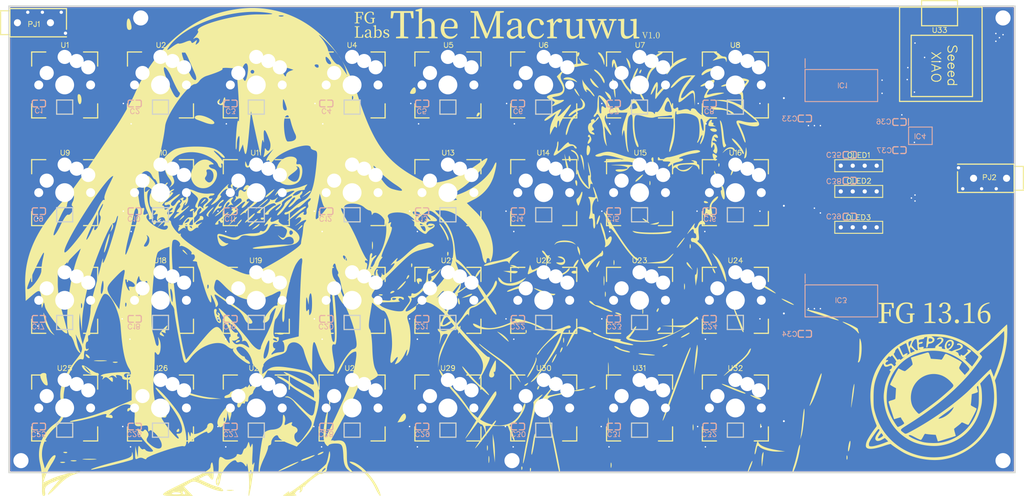
<source format=kicad_pcb>
(kicad_pcb (version 20211014) (generator pcbnew)
  (layers (0 "F.Cu" signal) (31 "B.Cu" signal) (34 "B.Paste" user) (35 "F.Paste" user) (36 "B.SilkS" user "B.Silkscreen") (37 "F.SilkS" user "F.Silkscreen") (38 "B.Mask" user) (39 "F.Mask" user) (44 "Edge.Cuts" user))
  (net 0 "")
  (gr_poly (pts (xy 263.65111 44.55167) (xy 263.73605 44.53907) (xy 263.81935 44.5182) (xy 263.9002 44.48927) (xy 263.97782 44.45256) (xy 264.05147 44.40842) (xy 264.12044 44.35726) (xy 264.18407 44.2996) (xy 264.24173 44.23597) (xy 264.29289 44.167) (xy 264.33703 44.09335) (xy 264.37374 44.01573) (xy 264.40267 43.93488) (xy 264.42354 43.85158) (xy 264.43614 43.76664) (xy 264.44035 43.68088) (xy 264.43614 43.59512) (xy 264.42354 43.51018) (xy 264.40267 43.42688) (xy 264.37374 43.34603) (xy 264.33703 43.26841) (xy 264.29289 43.19476) (xy 264.24173 43.12579) (xy 264.18407 43.06216) (xy 264.12044 43.0045) (xy 264.05147 42.95334) (xy 263.97782 42.9092) (xy 263.9002 42.87249) (xy 263.81935 42.84356) (xy 263.73605 42.82269) (xy 263.65111 42.81009) (xy 263.56535 42.80588) (xy 261.81537 42.80588) (xy 261.72961 42.81009) (xy 261.64467 42.82269) (xy 261.56137 42.84356) (xy 261.48052 42.87249) (xy 261.4029 42.9092) (xy 261.32925 42.95334) (xy 261.26028 43.0045) (xy 261.19665 43.06216) (xy 261.13899 43.12579) (xy 261.08783 43.19476) (xy 261.04369 43.26841) (xy 261.00698 43.34603) (xy 260.97805 43.42688) (xy 260.95718 43.51018) (xy 260.94458 43.59512) (xy 260.94037 43.68088) (xy 260.94458 43.76664) (xy 260.95718 43.85158) (xy 260.97805 43.93488) (xy 261.00698 44.01573) (xy 261.04369 44.09335) (xy 261.08783 44.167) (xy 261.13899 44.23597) (xy 261.19665 44.2996) (xy 261.26028 44.35726) (xy 261.32925 44.40842) (xy 261.4029 44.45256) (xy 261.48052 44.48927) (xy 261.56137 44.5182) (xy 261.64467 44.53907) (xy 261.72961 44.55167) (xy 261.81537 44.55588) (xy 263.56535 44.55588)) (layer "F.Cu") (width 0) (fill solid))
  (gr_poly (pts (xy 194.58381 55.53202) (xy 194.76415 55.5183) (xy 194.94246 55.48579) (xy 195.1162 55.43499) (xy 195.28384 55.36692) (xy 195.44386 55.28157) (xy 195.59422 55.18048) (xy 195.73291 55.06466) (xy 195.8594 54.93512) (xy 195.97218 54.79288) (xy 196.0692 54.63997) (xy 196.14998 54.47842) (xy 196.21398 54.30875) (xy 196.26021 54.13349) (xy 196.28815 53.95468) (xy 196.2973 53.77383) (xy 196.28815 53.59298) (xy 196.26021 53.41416) (xy 196.21398 53.2389) (xy 196.14998 53.06923) (xy 196.0692 52.90769) (xy 195.97218 52.75478) (xy 195.8594 52.61254) (xy 195.73291 52.483) (xy 195.59422 52.36718) (xy 195.44386 52.26608) (xy 195.28384 52.18074) (xy 195.1162 52.11267) (xy 194.94246 52.06187) (xy 194.76415 52.02936) (xy 194.58381 52.01564) (xy 194.40246 52.02021) (xy 194.22313 52.04358) (xy 194.04686 52.08473) (xy 193.92493 52.1274) (xy 193.88328 52.13299) (xy 193.84366 52.1213) (xy 193.81165 52.09438) (xy 193.79286 52.0573) (xy 193.75374 51.90896) (xy 193.69024 51.73929) (xy 193.60896 51.57774) (xy 193.51193 51.42484) (xy 193.39966 51.2826) (xy 193.27317 51.15306) (xy 193.13398 51.03723) (xy 192.98361 50.93614) (xy 192.8241 50.8508) (xy 192.65646 50.78272) (xy 192.48222 50.73192) (xy 192.30442 50.69941) (xy 192.12357 50.6857) (xy 191.94272 50.69027) (xy 191.76289 50.71364) (xy 191.58661 50.75478) (xy 191.41592 50.81473) (xy 191.2681 50.88382) (xy 191.22999 50.89296) (xy 191.19139 50.88788) (xy 191.15786 50.86807) (xy 191.13398 50.83708) (xy 191.06896 50.70754) (xy 190.97193 50.55463) (xy 190.85966 50.4129) (xy 190.73317 50.28285) (xy 190.59398 50.16703) (xy 190.44361 50.06594) (xy 190.2841 49.9811) (xy 190.11646 49.91252) (xy 189.94222 49.86223) (xy 189.76442 49.82972) (xy 189.58357 49.81549) (xy 189.40272 49.82006) (xy 189.22289 49.84343) (xy 189.04661 49.88509) (xy 188.87592 49.94452) (xy 188.71184 50.02123) (xy 188.55639 50.1147) (xy 188.41161 50.22342) (xy 188.27852 50.34635) (xy 188.15914 50.4825) (xy 188.05398 50.62982) (xy 187.96508 50.7873) (xy 187.89243 50.95341) (xy 187.83757 51.12613) (xy 187.80049 51.30342) (xy 187.78169 51.48326) (xy 187.78169 51.66461) (xy 187.80049 51.84444) (xy 187.83757 52.02174) (xy 187.89243 52.19446) (xy 187.96508 52.36057) (xy 188.05398 52.51805) (xy 188.15914 52.66537) (xy 188.27852 52.80152) (xy 188.41161 52.92445) (xy 188.55639 53.03316) (xy 188.71184 53.12664) (xy 188.87592 53.20334) (xy 189.04661 53.26278) (xy 189.22289 53.30444) (xy 189.40272 53.3278) (xy 189.58357 53.33238) (xy 189.76442 53.31815) (xy 189.94222 53.28564) (xy 190.11646 53.23535) (xy 190.2841 53.16677) (xy 190.34404 53.13527) (xy 190.38367 53.12359) (xy 190.42532 53.12867) (xy 190.46088 53.15) (xy 190.48476 53.18404) (xy 190.50508 53.23027) (xy 190.59398 53.38775) (xy 190.69914 53.53558) (xy 190.81852 53.67172) (xy 190.95161 53.79466) (xy 191.09639 53.90337) (xy 191.25184 53.99633) (xy 191.41592 54.07304) (xy 191.58661 54.13298) (xy 191.76289 54.17413) (xy 191.94272 54.1975) (xy 192.12357 54.20207) (xy 192.30442 54.18836) (xy 192.48222 54.15584) (xy 192.65646 54.10504) (xy 192.68796 54.09234) (xy 192.73164 54.08472) (xy 192.77381 54.09692) (xy 192.80734 54.12536) (xy 192.82562 54.1655) (xy 192.83731 54.22188) (xy 192.89268 54.3941) (xy 192.96482 54.56021) (xy 193.05422 54.71769) (xy 193.15887 54.86552) (xy 193.27876 55.00166) (xy 193.41135 55.1246) (xy 193.55664 55.23331) (xy 193.71158 55.32628) (xy 193.87566 55.40298) (xy 194.04686 55.46293) (xy 194.22313 55.50408) (xy 194.40246 55.52744)) (layer "F.Cu") (width 0) (fill solid))
  (gr_poly (pts (xy 128.57836 82.63788) (xy 128.78613 82.62823) (xy 128.99238 82.59927) (xy 129.19507 82.55203) (xy 129.39268 82.48548) (xy 129.58318 82.40166) (xy 129.76504 82.30006) (xy 129.93675 82.18271) (xy 130.09677 82.04962) (xy 130.24409 81.9023) (xy 130.37718 81.74228) (xy 130.49453 81.57057) (xy 130.59613 81.38871) (xy 130.67995 81.19821) (xy 130.7465 81.0006) (xy 130.79374 80.7979) (xy 130.8227 80.59166) (xy 130.83235 80.38388) (xy 130.8227 80.17611) (xy 130.79374 79.96986) (xy 130.7465 79.76717) (xy 130.67995 79.56956) (xy 130.59613 79.37906) (xy 130.49453 79.1972) (xy 130.37718 79.02549) (xy 130.24409 78.86547) (xy 130.09677 78.71815) (xy 129.93675 78.58506) (xy 129.76504 78.46771) (xy 129.58318 78.36611) (xy 129.39268 78.28229) (xy 129.19507 78.21574) (xy 128.99238 78.1685) (xy 128.78613 78.13954) (xy 128.57836 78.12989) (xy 128.37058 78.13954) (xy 128.16434 78.1685) (xy 127.96164 78.21574) (xy 127.76403 78.28229) (xy 127.57353 78.36611) (xy 127.39167 78.46771) (xy 127.21996 78.58506) (xy 127.05994 78.71815) (xy 126.91262 78.86547) (xy 126.77953 79.02549) (xy 126.66218 79.1972) (xy 126.56058 79.37906) (xy 126.47676 79.56956) (xy 126.41021 79.76717) (xy 126.36297 79.96986) (xy 126.33401 80.17611) (xy 126.32436 80.38388) (xy 126.33401 80.59166) (xy 126.36297 80.7979) (xy 126.41021 81.0006) (xy 126.47676 81.19821) (xy 126.56058 81.38871) (xy 126.66218 81.57057) (xy 126.77953 81.74228) (xy 126.91262 81.9023) (xy 127.05994 82.04962) (xy 127.21996 82.18271) (xy 127.39167 82.30006) (xy 127.57353 82.40166) (xy 127.76403 82.48548) (xy 127.96164 82.55203) (xy 128.16434 82.59927) (xy 128.37058 82.62823)) (layer "F.Cu") (width 0) (fill solid))
  (gr_poly (pts (xy 209.85836 128.35788) (xy 210.06613 128.34823) (xy 210.27237 128.31927) (xy 210.47507 128.27203) (xy 210.67268 128.20548) (xy 210.86318 128.12166) (xy 211.04504 128.02006) (xy 211.21675 127.90271) (xy 211.37677 127.76962) (xy 211.52409 127.6223) (xy 211.65718 127.46228) (xy 211.77453 127.29057) (xy 211.87613 127.10871) (xy 211.95995 126.91821) (xy 212.0265 126.7206) (xy 212.07374 126.5179) (xy 212.1027 126.31166) (xy 212.11235 126.10388) (xy 212.1027 125.89611) (xy 212.07374 125.68986) (xy 212.0265 125.48717) (xy 211.95995 125.28956) (xy 211.87613 125.09906) (xy 211.77453 124.9172) (xy 211.65718 124.74549) (xy 211.52409 124.58547) (xy 211.37677 124.43815) (xy 211.21675 124.30506) (xy 211.04504 124.18771) (xy 210.86318 124.08611) (xy 210.67268 124.00229) (xy 210.47507 123.93574) (xy 210.27237 123.8885) (xy 210.06613 123.85954) (xy 209.85836 123.84989) (xy 209.65058 123.85954) (xy 209.44434 123.8885) (xy 209.24164 123.93574) (xy 209.04403 124.00229) (xy 208.85353 124.08611) (xy 208.67167 124.18771) (xy 208.49996 124.30506) (xy 208.33994 124.43815) (xy 208.19262 124.58547) (xy 208.05953 124.74549) (xy 207.94218 124.9172) (xy 207.84058 125.09906) (xy 207.75676 125.28956) (xy 207.69021 125.48717) (xy 207.64297 125.68986) (xy 207.61401 125.89611) (xy 207.60436 126.10388) (xy 207.61401 126.31166) (xy 207.64297 126.5179) (xy 207.69021 126.7206) (xy 207.75676 126.91821) (xy 207.84058 127.10871) (xy 207.94218 127.29057) (xy 208.05953 127.46228) (xy 208.19262 127.6223) (xy 208.33994 127.76962) (xy 208.49996 127.90271) (xy 208.67167 128.02006) (xy 208.85353 128.12166) (xy 209.04403 128.20548) (xy 209.24164 128.27203) (xy 209.44434 128.31927) (xy 209.65058 128.34823)) (layer "F.Cu") (width 0) (fill solid))
  (gr_poly (pts (xy 174.26381 55.53202) (xy 174.44415 55.5183) (xy 174.62246 55.48579) (xy 174.7962 55.43499) (xy 174.96384 55.36692) (xy 175.12386 55.28157) (xy 175.27422 55.18048) (xy 175.41291 55.06466) (xy 175.5394 54.93512) (xy 175.65218 54.79288) (xy 175.7492 54.63997) (xy 175.82998 54.47842) (xy 175.89398 54.30875) (xy 175.94021 54.13349) (xy 175.96815 53.95468) (xy 175.9773 53.77383) (xy 175.96815 53.59298) (xy 175.94021 53.41416) (xy 175.89398 53.2389) (xy 175.82998 53.06923) (xy 175.7492 52.90769) (xy 175.65218 52.75478) (xy 175.5394 52.61254) (xy 175.41291 52.483) (xy 175.27422 52.36718) (xy 175.12386 52.26608) (xy 174.96384 52.18074) (xy 174.7962 52.11267) (xy 174.62246 52.06187) (xy 174.44415 52.02936) (xy 174.26381 52.01564) (xy 174.08246 52.02021) (xy 173.90313 52.04358) (xy 173.72686 52.08473) (xy 173.60494 52.1274) (xy 173.56328 52.13299) (xy 173.52366 52.1213) (xy 173.49165 52.09438) (xy 173.47286 52.0573) (xy 173.43374 51.90896) (xy 173.37024 51.73929) (xy 173.28896 51.57774) (xy 173.19193 51.42484) (xy 173.07966 51.2826) (xy 172.95317 51.15306) (xy 172.81398 51.03723) (xy 172.66361 50.93614) (xy 172.5041 50.8508) (xy 172.33646 50.78272) (xy 172.16222 50.73192) (xy 171.98442 50.69941) (xy 171.80357 50.6857) (xy 171.62272 50.69027) (xy 171.44289 50.71364) (xy 171.26661 50.75478) (xy 171.09592 50.81473) (xy 170.9481 50.88382) (xy 170.91 50.89296) (xy 170.87139 50.88788) (xy 170.83786 50.86807) (xy 170.81398 50.83708) (xy 170.74896 50.70754) (xy 170.65193 50.55463) (xy 170.53966 50.4129) (xy 170.41317 50.28285) (xy 170.27398 50.16703) (xy 170.12361 50.06594) (xy 169.9641 49.9811) (xy 169.79646 49.91252) (xy 169.62222 49.86223) (xy 169.44442 49.82972) (xy 169.26357 49.81549) (xy 169.08272 49.82006) (xy 168.90289 49.84343) (xy 168.72661 49.88509) (xy 168.55592 49.94452) (xy 168.39184 50.02123) (xy 168.23639 50.1147) (xy 168.09161 50.22342) (xy 167.95852 50.34635) (xy 167.83914 50.4825) (xy 167.73398 50.62982) (xy 167.64508 50.7873) (xy 167.57244 50.95341) (xy 167.51757 51.12613) (xy 167.48049 51.30342) (xy 167.46169 51.48326) (xy 167.46169 51.66461) (xy 167.48049 51.84444) (xy 167.51757 52.02174) (xy 167.57244 52.19446) (xy 167.64508 52.36057) (xy 167.73398 52.51805) (xy 167.83914 52.66537) (xy 167.95852 52.80152) (xy 168.09161 52.92445) (xy 168.23639 53.03316) (xy 168.39184 53.12664) (xy 168.55592 53.20334) (xy 168.72661 53.26278) (xy 168.90289 53.30444) (xy 169.08272 53.3278) (xy 169.26357 53.33238) (xy 169.44442 53.31815) (xy 169.62222 53.28564) (xy 169.79646 53.23535) (xy 169.9641 53.16677) (xy 170.02404 53.13527) (xy 170.06367 53.12359) (xy 170.10532 53.12867) (xy 170.14088 53.15) (xy 170.16476 53.18404) (xy 170.18508 53.23027) (xy 170.27398 53.38775) (xy 170.37914 53.53558) (xy 170.49852 53.67172) (xy 170.63161 53.79466) (xy 170.77639 53.90337) (xy 170.93184 53.99633) (xy 171.09592 54.07304) (xy 171.26661 54.13298) (xy 171.44289 54.17413) (xy 171.62272 54.1975) (xy 171.80357 54.20207) (xy 171.98442 54.18836) (xy 172.16222 54.15584) (xy 172.33646 54.10504) (xy 172.36796 54.09234) (xy 172.41164 54.08472) (xy 172.45381 54.09692) (xy 172.48734 54.12536) (xy 172.50562 54.1655) (xy 172.51731 54.22188) (xy 172.57268 54.3941) (xy 172.64482 54.56021) (xy 172.73422 54.71769) (xy 172.83887 54.86552) (xy 172.95876 55.00166) (xy 173.09135 55.1246) (xy 173.23664 55.23331) (xy 173.39158 55.32628) (xy 173.55566 55.40298) (xy 173.72686 55.46293) (xy 173.90313 55.50408) (xy 174.08246 55.52744)) (layer "F.Cu") (width 0) (fill solid))
  (gr_poly (pts (xy 102.72116 81.59242) (xy 102.87 81.58784) (xy 103.01732 81.56498) (xy 103.16007 81.52384) (xy 103.29723 81.46592) (xy 103.42626 81.39176) (xy 103.54513 81.30184) (xy 103.65181 81.19821) (xy 103.74528 81.08238) (xy 103.82352 80.95589) (xy 103.886 80.82076) (xy 103.9307 80.67852) (xy 103.95814 80.53222) (xy 103.96728 80.38388) (xy 103.95814 80.23555) (xy 103.9307 80.08924) (xy 103.886 79.947) (xy 103.82352 79.81188) (xy 103.74528 79.68538) (xy 103.7143 79.64728) (xy 103.69499 79.60817) (xy 103.69398 79.56499) (xy 103.71074 79.52486) (xy 103.74274 79.4959) (xy 103.78389 79.48218) (xy 103.82707 79.48777) (xy 103.95661 79.53298) (xy 104.13289 79.57413) (xy 104.31272 79.5975) (xy 104.49357 79.60207) (xy 104.67442 79.58836) (xy 104.85222 79.55584) (xy 105.02646 79.50504) (xy 105.1941 79.43697) (xy 105.35361 79.35163) (xy 105.50398 79.25054) (xy 105.64317 79.13471) (xy 105.76966 79.00517) (xy 105.88193 78.86293) (xy 105.97896 78.71002) (xy 106.06024 78.54848) (xy 106.12374 78.37881) (xy 106.16997 78.20355) (xy 106.19791 78.02473) (xy 106.20705 77.84388) (xy 106.19791 77.66304) (xy 106.16997 77.48422) (xy 106.12374 77.30896) (xy 106.06024 77.13929) (xy 105.97896 76.97774) (xy 105.88193 76.82484) (xy 105.76966 76.6826) (xy 105.64317 76.55306) (xy 105.50398 76.43723) (xy 105.35361 76.33614) (xy 105.1941 76.2508) (xy 105.02646 76.18272) (xy 104.85222 76.13192) (xy 104.67442 76.09941) (xy 104.49357 76.0857) (xy 104.31272 76.09027) (xy 104.13289 76.11364) (xy 103.95661 76.15478) (xy 103.78592 76.21473) (xy 103.62184 76.29144) (xy 103.46639 76.3844) (xy 103.32161 76.49311) (xy 103.18852 76.61605) (xy 103.06914 76.75219) (xy 102.96398 76.90002) (xy 102.87508 77.0575) (xy 102.80244 77.22362) (xy 102.74757 77.39583) (xy 102.71049 77.57312) (xy 102.69169 77.75346) (xy 102.69169 77.93431) (xy 102.71049 78.11465) (xy 102.74757 78.29194) (xy 102.80244 78.46415) (xy 102.87508 78.63027) (xy 102.96398 78.78775) (xy 103.06914 78.93558) (xy 103.17226 79.05242) (xy 103.19309 79.09052) (xy 103.19664 79.13319) (xy 103.18191 79.17383) (xy 103.15143 79.20482) (xy 103.1113 79.22006) (xy 103.06812 79.21752) (xy 103.01732 79.20278) (xy 102.87 79.17992) (xy 102.72116 79.17535) (xy 102.57282 79.18907) (xy 102.42753 79.22107) (xy 102.28732 79.27086) (xy 102.15423 79.3369) (xy 102.02977 79.41919) (xy 101.91699 79.51622) (xy 101.81692 79.62595) (xy 101.73056 79.74736) (xy 101.66045 79.87842) (xy 101.6066 80.01762) (xy 101.57003 80.16189) (xy 101.55174 80.30972) (xy 101.55174 80.45856) (xy 101.57003 80.60588) (xy 101.6066 80.75015) (xy 101.66045 80.88934) (xy 101.73056 81.02041) (xy 101.81692 81.14182) (xy 101.91699 81.25155) (xy 102.02977 81.34858) (xy 102.15423 81.43087) (xy 102.28732 81.49691) (xy 102.42753 81.5467) (xy 102.57282 81.5787)) (layer "F.Cu") (width 0) (fill solid))
  (gr_poly (pts (xy 82.40116 81.59242) (xy 82.55 81.58784) (xy 82.69732 81.56498) (xy 82.84007 81.52384) (xy 82.97723 81.46592) (xy 83.10626 81.39176) (xy 83.22513 81.30184) (xy 83.33181 81.19821) (xy 83.42528 81.08238) (xy 83.50352 80.95589) (xy 83.566 80.82076) (xy 83.6107 80.67852) (xy 83.63814 80.53222) (xy 83.64728 80.38388) (xy 83.63814 80.23555) (xy 83.6107 80.08924) (xy 83.566 79.947) (xy 83.50352 79.81188) (xy 83.42528 79.68538) (xy 83.3943 79.64728) (xy 83.37499 79.60817) (xy 83.37398 79.56499) (xy 83.39074 79.52486) (xy 83.42274 79.4959) (xy 83.46389 79.48218) (xy 83.50707 79.48777) (xy 83.63661 79.53298) (xy 83.81289 79.57413) (xy 83.99272 79.5975) (xy 84.17357 79.60207) (xy 84.35442 79.58836) (xy 84.53222 79.55584) (xy 84.70646 79.50504) (xy 84.8741 79.43697) (xy 85.03361 79.35163) (xy 85.18398 79.25054) (xy 85.32317 79.13471) (xy 85.44966 79.00517) (xy 85.56193 78.86293) (xy 85.65896 78.71002) (xy 85.74024 78.54848) (xy 85.80374 78.37881) (xy 85.84997 78.20355) (xy 85.87791 78.02473) (xy 85.88705 77.84388) (xy 85.87791 77.66304) (xy 85.84997 77.48422) (xy 85.80374 77.30896) (xy 85.74024 77.13929) (xy 85.65896 76.97774) (xy 85.56193 76.82484) (xy 85.44966 76.6826) (xy 85.32317 76.55306) (xy 85.18398 76.43723) (xy 85.03361 76.33614) (xy 84.8741 76.2508) (xy 84.70646 76.18272) (xy 84.53222 76.13192) (xy 84.35442 76.09941) (xy 84.17357 76.0857) (xy 83.99272 76.09027) (xy 83.81289 76.11364) (xy 83.63661 76.15478) (xy 83.46592 76.21473) (xy 83.30184 76.29144) (xy 83.14639 76.3844) (xy 83.00161 76.49311) (xy 82.86852 76.61605) (xy 82.74914 76.75219) (xy 82.64398 76.90002) (xy 82.55508 77.0575) (xy 82.48244 77.22362) (xy 82.42757 77.39583) (xy 82.39049 77.57312) (xy 82.37169 77.75346) (xy 82.37169 77.93431) (xy 82.39049 78.11465) (xy 82.42757 78.29194) (xy 82.48244 78.46415) (xy 82.55508 78.63027) (xy 82.64398 78.78775) (xy 82.74914 78.93558) (xy 82.85226 79.05242) (xy 82.87309 79.09052) (xy 82.87664 79.13319) (xy 82.86191 79.17383) (xy 82.83143 79.20482) (xy 82.7913 79.22006) (xy 82.74812 79.21752) (xy 82.69732 79.20278) (xy 82.55 79.17992) (xy 82.40116 79.17535) (xy 82.25282 79.18907) (xy 82.10753 79.22107) (xy 81.96732 79.27086) (xy 81.83423 79.3369) (xy 81.70977 79.41919) (xy 81.59699 79.51622) (xy 81.49692 79.62595) (xy 81.41056 79.74736) (xy 81.34045 79.87842) (xy 81.2866 80.01762) (xy 81.25003 80.16189) (xy 81.23174 80.30972) (xy 81.23174 80.45856) (xy 81.25003 80.60588) (xy 81.2866 80.75015) (xy 81.34045 80.88934) (xy 81.41056 81.02041) (xy 81.49692 81.14182) (xy 81.59699 81.25155) (xy 81.70977 81.34858) (xy 81.83423 81.43087) (xy 81.96732 81.49691) (xy 82.10753 81.5467) (xy 82.25282 81.5787)) (layer "F.Cu") (width 0) (fill solid))
  (gr_poly (pts (xy 113.72139 104.45242) (xy 113.87023 104.44784) (xy 114.01704 104.42498) (xy 114.1603 104.38384) (xy 114.29746 104.32592) (xy 114.42598 104.25176) (xy 114.54486 104.16184) (xy 114.65204 104.05821) (xy 114.74501 103.94238) (xy 114.82375 103.81589) (xy 114.88572 103.68076) (xy 114.93094 103.53852) (xy 114.95837 103.39222) (xy 114.96751 103.24388) (xy 114.95837 103.09555) (xy 114.93094 102.94924) (xy 114.88572 102.80701) (xy 114.82375 102.67188) (xy 114.74501 102.54538) (xy 114.65204 102.42956) (xy 114.54486 102.32593) (xy 114.42598 102.23601) (xy 114.29746 102.16184) (xy 114.1603 102.10393) (xy 114.01704 102.06278) (xy 113.87023 102.03992) (xy 113.72139 102.03535) (xy 113.57305 102.04907) (xy 113.42776 102.08107) (xy 113.28705 102.13086) (xy 113.15395 102.1969) (xy 113.03 102.27919) (xy 112.91672 102.37622) (xy 112.81664 102.48595) (xy 112.73079 102.60736) (xy 112.66018 102.73842) (xy 112.60633 102.87762) (xy 112.57026 103.02189) (xy 112.55197 103.16972) (xy 112.55197 103.31856) (xy 112.57026 103.46588) (xy 112.60633 103.61015) (xy 112.66018 103.74934) (xy 112.73079 103.88041) (xy 112.81664 104.00182) (xy 112.91672 104.11155) (xy 113.03 104.20858) (xy 113.15395 104.29087) (xy 113.28705 104.35691) (xy 113.42776 104.4067) (xy 113.57305 104.4387)) (layer "F.Cu") (width 0) (fill solid))
  (gr_poly (pts (xy 113.72139 58.73242) (xy 113.87023 58.72785) (xy 114.01704 58.70498) (xy 114.1603 58.66384) (xy 114.29746 58.60592) (xy 114.42598 58.53176) (xy 114.54486 58.44184) (xy 114.65204 58.33821) (xy 114.74501 58.22238) (xy 114.82375 58.09589) (xy 114.88572 57.96076) (xy 114.93094 57.81852) (xy 114.95837 57.67222) (xy 114.96751 57.52388) (xy 114.95837 57.37555) (xy 114.93094 57.22924) (xy 114.88572 57.087) (xy 114.82375 56.95188) (xy 114.74501 56.82538) (xy 114.65204 56.70956) (xy 114.54486 56.60593) (xy 114.42598 56.51601) (xy 114.29746 56.44185) (xy 114.1603 56.38393) (xy 114.01704 56.34279) (xy 113.87023 56.31992) (xy 113.72139 56.31535) (xy 113.57305 56.32907) (xy 113.42776 56.36107) (xy 113.28705 56.41086) (xy 113.15395 56.4769) (xy 113.03 56.55919) (xy 112.91672 56.65622) (xy 112.81664 56.76595) (xy 112.73079 56.88736) (xy 112.66018 57.01842) (xy 112.60633 57.15762) (xy 112.57026 57.30189) (xy 112.55197 57.44972) (xy 112.55197 57.59856) (xy 112.57026 57.74588) (xy 112.60633 57.89015) (xy 112.66018 58.02935) (xy 112.73079 58.16041) (xy 112.81664 58.28182) (xy 112.91672 58.39155) (xy 113.03 58.48858) (xy 113.15395 58.57087) (xy 113.28705 58.63691) (xy 113.42776 58.6867) (xy 113.57305 58.7187)) (layer "F.Cu") (width 0) (fill solid))
  (gr_poly (pts (xy 93.40139 81.59242) (xy 93.55023 81.58784) (xy 93.69704 81.56498) (xy 93.8403 81.52384) (xy 93.97746 81.46592) (xy 94.10598 81.39176) (xy 94.22486 81.30184) (xy 94.33204 81.19821) (xy 94.42501 81.08238) (xy 94.50375 80.95589) (xy 94.56572 80.82076) (xy 94.61094 80.67852) (xy 94.63837 80.53222) (xy 94.64751 80.38388) (xy 94.63837 80.23555) (xy 94.61094 80.08924) (xy 94.56572 79.947) (xy 94.50375 79.81188) (xy 94.42501 79.68538) (xy 94.33204 79.56956) (xy 94.22486 79.46593) (xy 94.10598 79.37601) (xy 93.97746 79.30184) (xy 93.8403 79.24393) (xy 93.69704 79.20278) (xy 93.55023 79.17992) (xy 93.40139 79.17535) (xy 93.25305 79.18907) (xy 93.10776 79.22107) (xy 92.96705 79.27086) (xy 92.83395 79.3369) (xy 92.71 79.41919) (xy 92.59672 79.51622) (xy 92.49664 79.62595) (xy 92.41079 79.74736) (xy 92.34018 79.87842) (xy 92.28633 80.01762) (xy 92.25026 80.16189) (xy 92.23197 80.30972) (xy 92.23197 80.45856) (xy 92.25026 80.60588) (xy 92.28633 80.75015) (xy 92.34018 80.88934) (xy 92.41079 81.02041) (xy 92.49664 81.14182) (xy 92.59672 81.25155) (xy 92.71 81.34858) (xy 92.83395 81.43087) (xy 92.96705 81.49691) (xy 93.10776 81.5467) (xy 93.25305 81.5787)) (layer "F.Cu") (width 0) (fill solid))
  (gr_poly (pts (xy 92.98381 101.25202) (xy 93.16415 101.2383) (xy 93.34246 101.20579) (xy 93.5162 101.15499) (xy 93.68384 101.08692) (xy 93.84386 101.00157) (xy 93.99422 100.90048) (xy 94.13291 100.78466) (xy 94.2594 100.65512) (xy 94.37218 100.51288) (xy 94.4692 100.35997) (xy 94.54998 100.19842) (xy 94.61398 100.02875) (xy 94.66021 99.85349) (xy 94.68815 99.67468) (xy 94.6973 99.49383) (xy 94.68815 99.31298) (xy 94.66021 99.13416) (xy 94.61398 98.9589) (xy 94.54998 98.78923) (xy 94.4692 98.62769) (xy 94.37218 98.47478) (xy 94.2594 98.33254) (xy 94.13291 98.203) (xy 93.99422 98.08718) (xy 93.84386 97.98609) (xy 93.68384 97.90074) (xy 93.5162 97.83267) (xy 93.34246 97.78187) (xy 93.16415 97.74936) (xy 92.98381 97.73564) (xy 92.80246 97.74021) (xy 92.62313 97.76358) (xy 92.44686 97.80473) (xy 92.32494 97.8474) (xy 92.28328 97.85299) (xy 92.24365 97.8413) (xy 92.21165 97.81438) (xy 92.19286 97.7773) (xy 92.15374 97.62896) (xy 92.09024 97.45929) (xy 92.00896 97.29774) (xy 91.91193 97.14484) (xy 91.79966 97.0026) (xy 91.67317 96.87306) (xy 91.53398 96.75723) (xy 91.38361 96.65614) (xy 91.2241 96.5708) (xy 91.05646 96.50272) (xy 90.88222 96.45192) (xy 90.70442 96.41941) (xy 90.52357 96.4057) (xy 90.34272 96.41027) (xy 90.16289 96.43364) (xy 89.98661 96.47478) (xy 89.81592 96.53473) (xy 89.6681 96.60382) (xy 89.63 96.61296) (xy 89.59139 96.60788) (xy 89.55786 96.58807) (xy 89.53398 96.55708) (xy 89.46896 96.42754) (xy 89.37193 96.27463) (xy 89.25966 96.1329) (xy 89.13317 96.00285) (xy 88.99398 95.88703) (xy 88.84361 95.78594) (xy 88.6841 95.7011) (xy 88.51646 95.63252) (xy 88.34222 95.58223) (xy 88.16442 95.54972) (xy 87.98357 95.53549) (xy 87.80272 95.54006) (xy 87.62289 95.56343) (xy 87.44661 95.60509) (xy 87.27592 95.66452) (xy 87.11184 95.74123) (xy 86.95639 95.8347) (xy 86.81161 95.94342) (xy 86.67852 96.06635) (xy 86.55914 96.2025) (xy 86.45398 96.34982) (xy 86.36508 96.5073) (xy 86.29244 96.67341) (xy 86.23757 96.84613) (xy 86.20049 97.02342) (xy 86.18169 97.20326) (xy 86.18169 97.38461) (xy 86.20049 97.56444) (xy 86.23757 97.74174) (xy 86.29244 97.91446) (xy 86.36508 98.08057) (xy 86.45398 98.23805) (xy 86.55914 98.38537) (xy 86.67852 98.52152) (xy 86.81161 98.64445) (xy 86.95639 98.75316) (xy 87.11184 98.84664) (xy 87.27592 98.92334) (xy 87.44661 98.98278) (xy 87.62289 99.02444) (xy 87.80272 99.0478) (xy 87.98357 99.05238) (xy 88.16442 99.03815) (xy 88.34222 99.00564) (xy 88.51646 98.95535) (xy 88.6841 98.88677) (xy 88.74404 98.85527) (xy 88.78367 98.84359) (xy 88.82532 98.84867) (xy 88.86088 98.87001) (xy 88.88476 98.90404) (xy 88.90508 98.95027) (xy 88.99398 99.10775) (xy 89.09914 99.25558) (xy 89.21851 99.39172) (xy 89.35161 99.51466) (xy 89.49639 99.62337) (xy 89.65184 99.71633) (xy 89.81592 99.79304) (xy 89.98661 99.85298) (xy 90.16289 99.89413) (xy 90.34272 99.9175) (xy 90.52357 99.92207) (xy 90.70442 99.90836) (xy 90.88222 99.87584) (xy 91.05646 99.82504) (xy 91.08796 99.81234) (xy 91.13164 99.80473) (xy 91.17381 99.81692) (xy 91.20734 99.84537) (xy 91.22562 99.8855) (xy 91.23731 99.94188) (xy 91.29268 100.1141) (xy 91.36482 100.28021) (xy 91.45422 100.43769) (xy 91.55887 100.58552) (xy 91.67876 100.72166) (xy 91.81135 100.8446) (xy 91.95664 100.95331) (xy 92.11158 101.04628) (xy 92.27566 101.12298) (xy 92.44686 101.18293) (xy 92.62313 101.22408) (xy 92.80246 101.24744)) (layer "F.Cu") (width 0) (fill solid))
  (gr_poly (pts (xy 187.84418 109.7031) (xy 191.23254 109.7031) (xy 191.29604 109.69599) (xy 191.35039 109.67669) (xy 191.39967 109.6457) (xy 191.44031 109.60506) (xy 191.4713 109.55578) (xy 191.49009 109.50143) (xy 191.49771 109.43793) (xy 191.49771 106.44937) (xy 191.49009 106.38637) (xy 191.4713 106.33151) (xy 191.44031 106.28274) (xy 191.39967 106.24159) (xy 191.35039 106.21111) (xy 191.29604 106.19181) (xy 191.23254 106.1847) (xy 187.84418 106.1847) (xy 187.78068 106.19181) (xy 187.72632 106.21111) (xy 187.67704 106.24159) (xy 187.6364 106.28274) (xy 187.60542 106.33151) (xy 187.58662 106.38637) (xy 187.57951 106.44937) (xy 187.57951 109.43793) (xy 187.58662 109.50143) (xy 187.60542 109.55578) (xy 187.6364 109.60506) (xy 187.67704 109.6457) (xy 187.72632 109.67669) (xy 187.78068 109.69599)) (layer "F.Cu") (width 0) (fill solid))
  (gr_poly (pts (xy 174.26381 124.11202) (xy 174.44415 124.0983) (xy 174.62246 124.06579) (xy 174.7962 124.01499) (xy 174.96384 123.94692) (xy 175.12386 123.86157) (xy 175.27422 123.76048) (xy 175.41291 123.64466) (xy 175.5394 123.51512) (xy 175.65218 123.37288) (xy 175.7492 123.21997) (xy 175.82998 123.05842) (xy 175.89398 122.88875) (xy 175.94021 122.71349) (xy 175.96815 122.53468) (xy 175.9773 122.35383) (xy 175.96815 122.17298) (xy 175.94021 121.99416) (xy 175.89398 121.8189) (xy 175.82998 121.64923) (xy 175.7492 121.48769) (xy 175.65218 121.33478) (xy 175.5394 121.19254) (xy 175.41291 121.063) (xy 175.27422 120.94718) (xy 175.12386 120.84608) (xy 174.96384 120.76074) (xy 174.7962 120.69267) (xy 174.62246 120.64187) (xy 174.44415 120.60936) (xy 174.26381 120.59564) (xy 174.08246 120.60021) (xy 173.90313 120.62358) (xy 173.72686 120.66473) (xy 173.60494 120.7074) (xy 173.56328 120.71299) (xy 173.52366 120.70131) (xy 173.49165 120.67438) (xy 173.47286 120.6373) (xy 173.43374 120.48896) (xy 173.37024 120.31929) (xy 173.28896 120.15774) (xy 173.19193 120.00484) (xy 173.07966 119.8626) (xy 172.95317 119.73306) (xy 172.81398 119.61723) (xy 172.66361 119.51614) (xy 172.5041 119.4308) (xy 172.33646 119.36272) (xy 172.16222 119.31192) (xy 171.98442 119.27941) (xy 171.80357 119.2657) (xy 171.62272 119.27027) (xy 171.44289 119.29364) (xy 171.26661 119.33478) (xy 171.09592 119.39473) (xy 170.9481 119.46382) (xy 170.91 119.47296) (xy 170.87139 119.46788) (xy 170.83786 119.44807) (xy 170.81398 119.41708) (xy 170.74896 119.28754) (xy 170.65193 119.13463) (xy 170.53966 118.9929) (xy 170.41317 118.86285) (xy 170.27398 118.74703) (xy 170.12361 118.64594) (xy 169.9641 118.5611) (xy 169.79646 118.49252) (xy 169.62222 118.44223) (xy 169.44442 118.40972) (xy 169.26357 118.39549) (xy 169.08272 118.40006) (xy 168.90289 118.42343) (xy 168.72661 118.46509) (xy 168.55592 118.52452) (xy 168.39184 118.60123) (xy 168.23639 118.6947) (xy 168.09161 118.80342) (xy 167.95852 118.92635) (xy 167.83914 119.0625) (xy 167.73398 119.20982) (xy 167.64508 119.3673) (xy 167.57244 119.53341) (xy 167.51757 119.70613) (xy 167.48049 119.88342) (xy 167.46169 120.06326) (xy 167.46169 120.24461) (xy 167.48049 120.42445) (xy 167.51757 120.60174) (xy 167.57244 120.77446) (xy 167.64508 120.94057) (xy 167.73398 121.09805) (xy 167.83914 121.24537) (xy 167.95852 121.38152) (xy 168.09161 121.50445) (xy 168.23639 121.61316) (xy 168.39184 121.70664) (xy 168.55592 121.78334) (xy 168.72661 121.84278) (xy 168.90289 121.88444) (xy 169.08272 121.90781) (xy 169.26357 121.91238) (xy 169.44442 121.89815) (xy 169.62222 121.86564) (xy 169.79646 121.81535) (xy 169.9641 121.74677) (xy 170.02404 121.71527) (xy 170.06367 121.70359) (xy 170.10532 121.70867) (xy 170.14088 121.73) (xy 170.16476 121.76404) (xy 170.18508 121.81027) (xy 170.27398 121.96775) (xy 170.37914 122.11558) (xy 170.49852 122.25172) (xy 170.63161 122.37466) (xy 170.77639 122.48337) (xy 170.93184 122.57633) (xy 171.09592 122.65304) (xy 171.26661 122.71299) (xy 171.44289 122.75413) (xy 171.62272 122.7775) (xy 171.80357 122.78207) (xy 171.98442 122.76836) (xy 172.16222 122.73584) (xy 172.33646 122.68504) (xy 172.36796 122.67234) (xy 172.41164 122.66472) (xy 172.45381 122.67692) (xy 172.48734 122.70536) (xy 172.50562 122.7455) (xy 172.51731 122.80188) (xy 172.57268 122.9741) (xy 172.64482 123.14021) (xy 172.73422 123.29769) (xy 172.83887 123.44552) (xy 172.95876 123.58166) (xy 173.09135 123.7046) (xy 173.23664 123.81331) (xy 173.39158 123.90628) (xy 173.55566 123.98298) (xy 173.72686 124.04293) (xy 173.90313 124.08408) (xy 174.08246 124.10744)) (layer "F.Cu") (width 0) (fill solid))
  (gr_poly (pts (xy 72.66381 101.25202) (xy 72.84415 101.2383) (xy 73.02246 101.20579) (xy 73.1962 101.15499) (xy 73.36384 101.08692) (xy 73.52386 101.00157) (xy 73.67422 100.90048) (xy 73.81291 100.78466) (xy 73.9394 100.65512) (xy 74.05218 100.51288) (xy 74.1492 100.35997) (xy 74.22998 100.19842) (xy 74.29398 100.02875) (xy 74.34021 99.85349) (xy 74.36815 99.67468) (xy 74.37729 99.49383) (xy 74.36815 99.31298) (xy 74.34021 99.13416) (xy 74.29398 98.9589) (xy 74.22998 98.78923) (xy 74.1492 98.62769) (xy 74.05218 98.47478) (xy 73.9394 98.33254) (xy 73.81291 98.203) (xy 73.67422 98.08718) (xy 73.52386 97.98609) (xy 73.36384 97.90074) (xy 73.1962 97.83267) (xy 73.02246 97.78187) (xy 72.84415 97.74936) (xy 72.66381 97.73564) (xy 72.48246 97.74021) (xy 72.30313 97.76358) (xy 72.12686 97.80473) (xy 72.00494 97.8474) (xy 71.96328 97.85299) (xy 71.92366 97.8413) (xy 71.89165 97.81438) (xy 71.87286 97.7773) (xy 71.83374 97.62896) (xy 71.77024 97.45929) (xy 71.68896 97.29774) (xy 71.59193 97.14484) (xy 71.47966 97.0026) (xy 71.35317 96.87306) (xy 71.21398 96.75723) (xy 71.06361 96.65614) (xy 70.9041 96.5708) (xy 70.73646 96.50272) (xy 70.56222 96.45192) (xy 70.38442 96.41941) (xy 70.20357 96.4057) (xy 70.02272 96.41027) (xy 69.84289 96.43364) (xy 69.66661 96.47478) (xy 69.49592 96.53473) (xy 69.3481 96.60382) (xy 69.31 96.61296) (xy 69.27139 96.60788) (xy 69.23786 96.58807) (xy 69.21398 96.55708) (xy 69.14896 96.42754) (xy 69.05193 96.27463) (xy 68.93966 96.1329) (xy 68.81317 96.00285) (xy 68.67398 95.88703) (xy 68.52361 95.78594) (xy 68.3641 95.7011) (xy 68.19646 95.63252) (xy 68.02222 95.58223) (xy 67.84442 95.54972) (xy 67.66357 95.53549) (xy 67.48272 95.54006) (xy 67.30289 95.56343) (xy 67.12661 95.60509) (xy 66.95592 95.66452) (xy 66.79184 95.74123) (xy 66.63639 95.8347) (xy 66.49161 95.94342) (xy 66.35852 96.06635) (xy 66.23914 96.2025) (xy 66.13398 96.34982) (xy 66.04508 96.5073) (xy 65.97244 96.67341) (xy 65.91757 96.84613) (xy 65.88049 97.02342) (xy 65.86169 97.20326) (xy 65.86169 97.38461) (xy 65.88049 97.56444) (xy 65.91757 97.74174) (xy 65.97244 97.91446) (xy 66.04508 98.08057) (xy 66.13398 98.23805) (xy 66.23914 98.38537) (xy 66.35852 98.52152) (xy 66.49161 98.64445) (xy 66.63639 98.75316) (xy 66.79184 98.84664) (xy 66.95592 98.92334) (xy 67.12661 98.98278) (xy 67.30289 99.02444) (xy 67.48272 99.0478) (xy 67.66357 99.05238) (xy 67.84442 99.03815) (xy 68.02222 99.00564) (xy 68.19646 98.95535) (xy 68.3641 98.88677) (xy 68.42404 98.85527) (xy 68.46367 98.84359) (xy 68.50532 98.84867) (xy 68.54088 98.87001) (xy 68.56476 98.90404) (xy 68.58508 98.95027) (xy 68.67398 99.10775) (xy 68.77914 99.25558) (xy 68.89852 99.39172) (xy 69.03161 99.51466) (xy 69.17639 99.62337) (xy 69.33184 99.71633) (xy 69.49592 99.79304) (xy 69.66661 99.85298) (xy 69.84289 99.89413) (xy 70.02272 99.9175) (xy 70.20357 99.92207) (xy 70.38442 99.90836) (xy 70.56222 99.87584) (xy 70.73646 99.82504) (xy 70.76796 99.81234) (xy 70.81164 99.80473) (xy 70.85381 99.81692) (xy 70.88734 99.84537) (xy 70.90562 99.8855) (xy 70.91731 99.94188) (xy 70.97268 100.1141) (xy 71.04482 100.28021) (xy 71.13422 100.43769) (xy 71.23887 100.58552) (xy 71.35876 100.72166) (xy 71.49135 100.8446) (xy 71.63664 100.95331) (xy 71.79158 101.04628) (xy 71.95566 101.12298) (xy 72.12686 101.18293) (xy 72.30313 101.22408) (xy 72.48246 101.24744)) (layer "F.Cu") (width 0) (fill solid))
  (gr_poly (pts (xy 64.5668 45.32426) (xy 64.70142 45.31969) (xy 64.83401 45.29734) (xy 64.96304 45.25721) (xy 65.08496 45.20082) (xy 65.19875 45.12818) (xy 65.30188 45.04131) (xy 65.3923 44.94123) (xy 65.4685 44.82998) (xy 65.52895 44.70958) (xy 65.57315 44.58258) (xy 65.60007 44.4505) (xy 65.60922 44.31588) (xy 65.60007 44.18126) (xy 65.57315 44.04918) (xy 65.52895 43.92218) (xy 65.4685 43.80179) (xy 65.3923 43.69054) (xy 65.30188 43.59046) (xy 65.19875 43.50359) (xy 65.08496 43.43095) (xy 64.96304 43.37456) (xy 64.83401 43.33443) (xy 64.70142 43.31208) (xy 64.5668 43.3075) (xy 64.43269 43.32122) (xy 64.30162 43.35221) (xy 64.17564 43.40098) (xy 64.05728 43.46549) (xy 63.94907 43.54525) (xy 63.85204 43.63923) (xy 63.76873 43.74489) (xy 63.70015 43.86072) (xy 63.64732 43.98518) (xy 63.61176 44.11472) (xy 63.59347 44.24832) (xy 63.59347 44.38345) (xy 63.61176 44.51705) (xy 63.64732 44.64659) (xy 63.70015 44.77105) (xy 63.76873 44.88688) (xy 63.85204 44.99254) (xy 63.94907 45.08652) (xy 64.05728 45.16628) (xy 64.17564 45.23079) (xy 64.30162 45.27956) (xy 64.43269 45.31055)) (layer "F.Cu") (width 0) (fill solid))
  (gr_poly (pts (xy 72.66381 78.39202) (xy 72.84415 78.3783) (xy 73.02246 78.34579) (xy 73.1962 78.29499) (xy 73.36384 78.22692) (xy 73.52386 78.14157) (xy 73.67422 78.04048) (xy 73.81291 77.92466) (xy 73.9394 77.79512) (xy 74.05218 77.65288) (xy 74.1492 77.49997) (xy 74.22998 77.33842) (xy 74.29398 77.16875) (xy 74.34021 76.99349) (xy 74.36815 76.81468) (xy 74.37729 76.63383) (xy 74.36815 76.45298) (xy 74.34021 76.27416) (xy 74.29398 76.0989) (xy 74.22998 75.92923) (xy 74.1492 75.76769) (xy 74.05218 75.61478) (xy 73.9394 75.47254) (xy 73.81291 75.343) (xy 73.67422 75.22718) (xy 73.52386 75.12608) (xy 73.36384 75.04074) (xy 73.1962 74.97267) (xy 73.02246 74.92187) (xy 72.84415 74.88936) (xy 72.66381 74.87564) (xy 72.48246 74.88021) (xy 72.30313 74.90358) (xy 72.12686 74.94473) (xy 72.00494 74.9874) (xy 71.96328 74.99299) (xy 71.92366 74.9813) (xy 71.89165 74.95438) (xy 71.87286 74.9173) (xy 71.83374 74.76896) (xy 71.77024 74.59929) (xy 71.68896 74.43774) (xy 71.59193 74.28484) (xy 71.47966 74.1426) (xy 71.35317 74.01306) (xy 71.21398 73.89723) (xy 71.06361 73.79614) (xy 70.9041 73.7108) (xy 70.73646 73.64272) (xy 70.56222 73.59192) (xy 70.38442 73.55941) (xy 70.20357 73.5457) (xy 70.02272 73.55027) (xy 69.84289 73.57364) (xy 69.66661 73.61479) (xy 69.49592 73.67473) (xy 69.3481 73.74382) (xy 69.31 73.75296) (xy 69.27139 73.74788) (xy 69.23786 73.72807) (xy 69.21398 73.69708) (xy 69.14896 73.56754) (xy 69.05193 73.41463) (xy 68.93966 73.2729) (xy 68.81317 73.14285) (xy 68.67398 73.02703) (xy 68.52361 72.92594) (xy 68.3641 72.8411) (xy 68.19646 72.77252) (xy 68.02222 72.72223) (xy 67.84442 72.68972) (xy 67.66357 72.67549) (xy 67.48272 72.68007) (xy 67.30289 72.70343) (xy 67.12661 72.74509) (xy 66.95592 72.80452) (xy 66.79184 72.88123) (xy 66.63639 72.9747) (xy 66.49161 73.08342) (xy 66.35852 73.20635) (xy 66.23914 73.3425) (xy 66.13398 73.48982) (xy 66.04508 73.6473) (xy 65.97244 73.81341) (xy 65.91757 73.98613) (xy 65.88049 74.16342) (xy 65.86169 74.34326) (xy 65.86169 74.52461) (xy 65.88049 74.70444) (xy 65.91757 74.88174) (xy 65.97244 75.05446) (xy 66.04508 75.22057) (xy 66.13398 75.37805) (xy 66.23914 75.52537) (xy 66.35852 75.66152) (xy 66.49161 75.78445) (xy 66.63639 75.89316) (xy 66.79184 75.98664) (xy 66.95592 76.06334) (xy 67.12661 76.12278) (xy 67.30289 76.16444) (xy 67.48272 76.1878) (xy 67.66357 76.19238) (xy 67.84442 76.17815) (xy 68.02222 76.14564) (xy 68.19646 76.09535) (xy 68.3641 76.02677) (xy 68.42404 75.99527) (xy 68.46367 75.98359) (xy 68.50532 75.98867) (xy 68.54088 76.01) (xy 68.56476 76.04404) (xy 68.58508 76.09027) (xy 68.67398 76.24775) (xy 68.77914 76.39558) (xy 68.89852 76.53172) (xy 69.03161 76.65466) (xy 69.17639 76.76337) (xy 69.33184 76.85633) (xy 69.49592 76.93304) (xy 69.66661 76.99298) (xy 69.84289 77.03413) (xy 70.02272 77.0575) (xy 70.20357 77.06207) (xy 70.38442 77.04836) (xy 70.56222 77.01584) (xy 70.73646 76.96504) (xy 70.76796 76.95234) (xy 70.81164 76.94472) (xy 70.85381 76.95692) (xy 70.88734 76.98536) (xy 70.90562 77.0255) (xy 70.91731 77.08188) (xy 70.97268 77.2541) (xy 71.04482 77.42021) (xy 71.13422 77.57769) (xy 71.23887 77.72552) (xy 71.35876 77.86166) (xy 71.49135 77.9846) (xy 71.63664 78.09331) (xy 71.79158 78.18628) (xy 71.95566 78.26298) (xy 72.12686 78.32293) (xy 72.30313 78.36408) (xy 72.48246 78.38744)) (layer "F.Cu") (width 0) (fill solid))
  (gr_poly (pts (xy 169.21836 105.49788) (xy 169.42613 105.48823) (xy 169.63238 105.45927) (xy 169.83507 105.41203) (xy 170.03268 105.34548) (xy 170.22318 105.26166) (xy 170.40504 105.16006) (xy 170.57675 105.04271) (xy 170.73677 104.90962) (xy 170.88409 104.7623) (xy 171.01718 104.60228) (xy 171.13453 104.43057) (xy 171.23613 104.24871) (xy 171.31995 104.05821) (xy 171.3865 103.8606) (xy 171.43374 103.6579) (xy 171.4627 103.45166) (xy 171.47235 103.24388) (xy 171.4627 103.03611) (xy 171.43374 102.82987) (xy 171.3865 102.62717) (xy 171.31995 102.42956) (xy 171.23613 102.23906) (xy 171.13453 102.0572) (xy 171.01718 101.88549) (xy 170.88409 101.72547) (xy 170.73677 101.57815) (xy 170.57675 101.44506) (xy 170.40504 101.32771) (xy 170.22318 101.22611) (xy 170.03268 101.14229) (xy 169.83507 101.07574) (xy 169.63238 101.0285) (xy 169.42613 100.99954) (xy 169.21836 100.98989) (xy 169.01058 100.99954) (xy 168.80434 101.0285) (xy 168.60164 101.07574) (xy 168.40403 101.14229) (xy 168.21353 101.22611) (xy 168.03167 101.32771) (xy 167.85996 101.44506) (xy 167.69994 101.57815) (xy 167.55262 101.72547) (xy 167.41953 101.88549) (xy 167.30218 102.0572) (xy 167.20058 102.23906) (xy 167.11676 102.42956) (xy 167.05021 102.62717) (xy 167.00297 102.82987) (xy 166.97401 103.03611) (xy 166.96436 103.24388) (xy 166.97401 103.45166) (xy 167.00297 103.6579) (xy 167.05021 103.8606) (xy 167.11676 104.05821) (xy 167.20058 104.24871) (xy 167.30218 104.43057) (xy 167.41953 104.60228) (xy 167.55262 104.7623) (xy 167.69994 104.90962) (xy 167.85996 105.04271) (xy 168.03167 105.16006) (xy 168.21353 105.26166) (xy 168.40403 105.34548) (xy 168.60164 105.41203) (xy 168.80434 105.45927) (xy 169.01058 105.48823)) (layer "F.Cu") (width 0) (fill solid))
  (gr_poly (pts (xy 258.3627 75.96682) (xy 258.44652 75.96073) (xy 258.56641 75.93482) (xy 258.68122 75.89215) (xy 258.78892 75.83322) (xy 258.88696 75.76007) (xy 258.97332 75.6732) (xy 259.04698 75.57516) (xy 259.10184 75.47457) (xy 258.3627 75.47457)) (layer "F.Cu") (width 0) (fill solid))
  (gr_poly (pts (xy 126.88417 63.9831) (xy 130.27254 63.9831) (xy 130.33604 63.97599) (xy 130.39039 63.95669) (xy 130.43967 63.9257) (xy 130.48031 63.88506) (xy 130.5113 63.83579) (xy 130.5306 63.78143) (xy 130.53771 63.71793) (xy 130.53771 60.72936) (xy 130.5306 60.66637) (xy 130.5113 60.61151) (xy 130.48031 60.56274) (xy 130.43967 60.52159) (xy 130.39039 60.49111) (xy 130.33604 60.47181) (xy 130.27254 60.4647) (xy 126.88417 60.4647) (xy 126.82067 60.47181) (xy 126.76632 60.49111) (xy 126.71704 60.52159) (xy 126.6764 60.56274) (xy 126.64542 60.61151) (xy 126.62662 60.66637) (xy 126.61951 60.72936) (xy 126.61951 63.71793) (xy 126.62662 63.78143) (xy 126.64542 63.83579) (xy 126.6764 63.88506) (xy 126.71704 63.9257) (xy 126.76632 63.95669) (xy 126.82067 63.97599)) (layer "F.Cu") (width 0) (fill solid))
  (gr_poly (pts (xy 263.65111 49.63167) (xy 263.73605 49.61907) (xy 263.81935 49.5982) (xy 263.9002 49.56927) (xy 263.97782 49.53256) (xy 264.05147 49.48842) (xy 264.12044 49.43726) (xy 264.18407 49.3796) (xy 264.24173 49.31597) (xy 264.29289 49.247) (xy 264.33703 49.17335) (xy 264.37374 49.09573) (xy 264.40267 49.01488) (xy 264.42354 48.93158) (xy 264.43614 48.84664) (xy 264.44035 48.76088) (xy 264.43614 48.67512) (xy 264.42354 48.59018) (xy 264.40267 48.50688) (xy 264.37374 48.42603) (xy 264.33703 48.34841) (xy 264.29289 48.27476) (xy 264.24173 48.20579) (xy 264.18407 48.14216) (xy 264.12044 48.0845) (xy 264.05147 48.03334) (xy 263.97782 47.9892) (xy 263.9002 47.95249) (xy 263.81935 47.92356) (xy 263.73605 47.90269) (xy 263.65111 47.89009) (xy 263.56535 47.88588) (xy 261.81537 47.88588) (xy 261.72961 47.89009) (xy 261.64467 47.90269) (xy 261.56137 47.92356) (xy 261.48052 47.95249) (xy 261.4029 47.9892) (xy 261.32925 48.03334) (xy 261.26028 48.0845) (xy 261.19665 48.14216) (xy 261.13899 48.20579) (xy 261.08783 48.27476) (xy 261.04369 48.34841) (xy 261.00698 48.42603) (xy 260.97805 48.50688) (xy 260.95718 48.59018) (xy 260.94458 48.67512) (xy 260.94037 48.76088) (xy 260.94458 48.84664) (xy 260.95718 48.93158) (xy 260.97805 49.01488) (xy 261.00698 49.09573) (xy 261.04369 49.17335) (xy 261.08783 49.247) (xy 261.13899 49.31597) (xy 261.19665 49.3796) (xy 261.26028 49.43726) (xy 261.32925 49.48842) (xy 261.4029 49.53256) (xy 261.48052 49.56927) (xy 261.56137 49.5982) (xy 261.64467 49.61907) (xy 261.72961 49.63167) (xy 261.81537 49.63588) (xy 263.56535 49.63588)) (layer "F.Cu") (width 0) (fill solid))
  (gr_poly (pts (xy 67.61836 82.63788) (xy 67.82613 82.62823) (xy 68.03238 82.59927) (xy 68.23507 82.55203) (xy 68.43268 82.48548) (xy 68.62318 82.40166) (xy 68.80504 82.30006) (xy 68.97675 82.18271) (xy 69.13677 82.04962) (xy 69.28409 81.9023) (xy 69.41718 81.74228) (xy 69.53453 81.57057) (xy 69.63613 81.38871) (xy 69.71995 81.19821) (xy 69.7865 81.0006) (xy 69.83374 80.7979) (xy 69.8627 80.59166) (xy 69.87235 80.38388) (xy 69.8627 80.17611) (xy 69.83374 79.96986) (xy 69.7865 79.76717) (xy 69.71995 79.56956) (xy 69.63613 79.37906) (xy 69.53453 79.1972) (xy 69.41718 79.02549) (xy 69.28409 78.86547) (xy 69.13677 78.71815) (xy 68.97675 78.58506) (xy 68.80504 78.46771) (xy 68.62318 78.36611) (xy 68.43268 78.28229) (xy 68.23507 78.21574) (xy 68.03238 78.1685) (xy 67.82613 78.13954) (xy 67.61836 78.12989) (xy 67.41058 78.13954) (xy 67.20434 78.1685) (xy 67.00164 78.21574) (xy 66.80403 78.28229) (xy 66.61353 78.36611) (xy 66.43167 78.46771) (xy 66.25996 78.58506) (xy 66.09994 78.71815) (xy 65.95262 78.86547) (xy 65.81953 79.02549) (xy 65.70218 79.1972) (xy 65.60058 79.37906) (xy 65.51676 79.56956) (xy 65.45021 79.76717) (xy 65.40297 79.96986) (xy 65.37401 80.17611) (xy 65.36436 80.38388) (xy 65.37401 80.59166) (xy 65.40297 80.7979) (xy 65.45021 81.0006) (xy 65.51676 81.19821) (xy 65.60058 81.38871) (xy 65.70218 81.57057) (xy 65.81953 81.74228) (xy 65.95262 81.9023) (xy 66.09994 82.04962) (xy 66.25996 82.18271) (xy 66.43167 82.30006) (xy 66.61353 82.40166) (xy 66.80403 82.48548) (xy 67.00164 82.55203) (xy 67.20434 82.59927) (xy 67.41058 82.62823)) (layer "F.Cu") (width 0) (fill solid))
  (gr_poly (pts (xy 92.98381 78.39202) (xy 93.16415 78.3783) (xy 93.34246 78.34579) (xy 93.5162 78.29499) (xy 93.68384 78.22692) (xy 93.84386 78.14157) (xy 93.99422 78.04048) (xy 94.13291 77.92466) (xy 94.2594 77.79512) (xy 94.37218 77.65288) (xy 94.4692 77.49997) (xy 94.54998 77.33842) (xy 94.61398 77.16875) (xy 94.66021 76.99349) (xy 94.68815 76.81468) (xy 94.6973 76.63383) (xy 94.68815 76.45298) (xy 94.66021 76.27416) (xy 94.61398 76.0989) (xy 94.54998 75.92923) (xy 94.4692 75.76769) (xy 94.37218 75.61478) (xy 94.2594 75.47254) (xy 94.13291 75.343) (xy 93.99422 75.22718) (xy 93.84386 75.12608) (xy 93.68384 75.04074) (xy 93.5162 74.97267) (xy 93.34246 74.92187) (xy 93.16415 74.88936) (xy 92.98381 74.87564) (xy 92.80246 74.88021) (xy 92.62313 74.90358) (xy 92.44686 74.94473) (xy 92.32494 74.9874) (xy 92.28328 74.99299) (xy 92.24365 74.9813) (xy 92.21165 74.95438) (xy 92.19286 74.9173) (xy 92.15374 74.76896) (xy 92.09024 74.59929) (xy 92.00896 74.43774) (xy 91.91193 74.28484) (xy 91.79966 74.1426) (xy 91.67317 74.01306) (xy 91.53398 73.89723) (xy 91.38361 73.79614) (xy 91.2241 73.7108) (xy 91.05646 73.64272) (xy 90.88222 73.59192) (xy 90.70442 73.55941) (xy 90.52357 73.5457) (xy 90.34272 73.55027) (xy 90.16289 73.57364) (xy 89.98661 73.61479) (xy 89.81592 73.67473) (xy 89.6681 73.74382) (xy 89.63 73.75296) (xy 89.59139 73.74788) (xy 89.55786 73.72807) (xy 89.53398 73.69708) (xy 89.46896 73.56754) (xy 89.37193 73.41463) (xy 89.25966 73.2729) (xy 89.13317 73.14285) (xy 88.99398 73.02703) (xy 88.84361 72.92594) (xy 88.6841 72.8411) (xy 88.51646 72.77252) (xy 88.34222 72.72223) (xy 88.16442 72.68972) (xy 87.98357 72.67549) (xy 87.80272 72.68007) (xy 87.62289 72.70343) (xy 87.44661 72.74509) (xy 87.27592 72.80452) (xy 87.11184 72.88123) (xy 86.95639 72.9747) (xy 86.81161 73.08342) (xy 86.67852 73.20635) (xy 86.55914 73.3425) (xy 86.45398 73.48982) (xy 86.36508 73.6473) (xy 86.29244 73.81341) (xy 86.23757 73.98613) (xy 86.20049 74.16342) (xy 86.18169 74.34326) (xy 86.18169 74.52461) (xy 86.20049 74.70444) (xy 86.23757 74.88174) (xy 86.29244 75.05446) (xy 86.36508 75.22057) (xy 86.45398 75.37805) (xy 86.55914 75.52537) (xy 86.67852 75.66152) (xy 86.81161 75.78445) (xy 86.95639 75.89316) (xy 87.11184 75.98664) (xy 87.27592 76.06334) (xy 87.44661 76.12278) (xy 87.62289 76.16444) (xy 87.80272 76.1878) (xy 87.98357 76.19238) (xy 88.16442 76.17815) (xy 88.34222 76.14564) (xy 88.51646 76.09535) (xy 88.6841 76.02677) (xy 88.74404 75.99527) (xy 88.78367 75.98359) (xy 88.82532 75.98867) (xy 88.86088 76.01) (xy 88.88476 76.04404) (xy 88.90508 76.09027) (xy 88.99398 76.24775) (xy 89.09914 76.39558) (xy 89.21851 76.53172) (xy 89.35161 76.65466) (xy 89.49639 76.76337) (xy 89.65184 76.85633) (xy 89.81592 76.93304) (xy 89.98661 76.99298) (xy 90.16289 77.03413) (xy 90.34272 77.0575) (xy 90.52357 77.06207) (xy 90.70442 77.04836) (xy 90.88222 77.01584) (xy 91.05646 76.96504) (xy 91.08796 76.95234) (xy 91.13164 76.94472) (xy 91.17381 76.95692) (xy 91.20734 76.98536) (xy 91.22562 77.0255) (xy 91.23731 77.08188) (xy 91.29268 77.2541) (xy 91.36482 77.42021) (xy 91.45422 77.57769) (xy 91.55887 77.72552) (xy 91.67876 77.86166) (xy 91.81135 77.9846) (xy 91.95664 78.09331) (xy 92.11158 78.18628) (xy 92.27566 78.26298) (xy 92.44686 78.32293) (xy 92.62313 78.36408) (xy 92.80246 78.38744)) (layer "F.Cu") (width 0) (fill solid))
  (gr_poly (pts (xy 87.93836 128.35788) (xy 88.14613 128.34823) (xy 88.35238 128.31927) (xy 88.55507 128.27203) (xy 88.75268 128.20548) (xy 88.94318 128.12166) (xy 89.12504 128.02006) (xy 89.29675 127.90271) (xy 89.45677 127.76962) (xy 89.60409 127.6223) (xy 89.73718 127.46228) (xy 89.85453 127.29057) (xy 89.95613 127.10871) (xy 90.03995 126.91821) (xy 90.1065 126.7206) (xy 90.15374 126.5179) (xy 90.1827 126.31166) (xy 90.19235 126.10388) (xy 90.1827 125.89611) (xy 90.15374 125.68986) (xy 90.1065 125.48717) (xy 90.03995 125.28956) (xy 89.95613 125.09906) (xy 89.85453 124.9172) (xy 89.73718 124.74549) (xy 89.60409 124.58547) (xy 89.45677 124.43815) (xy 89.29675 124.30506) (xy 89.12504 124.18771) (xy 88.94318 124.08611) (xy 88.75268 124.00229) (xy 88.55507 123.93574) (xy 88.35238 123.8885) (xy 88.14613 123.85954) (xy 87.93836 123.84989) (xy 87.73058 123.85954) (xy 87.52434 123.8885) (xy 87.32164 123.93574) (xy 87.12403 124.00229) (xy 86.93353 124.08611) (xy 86.75167 124.18771) (xy 86.57996 124.30506) (xy 86.41994 124.43815) (xy 86.27262 124.58547) (xy 86.13953 124.74549) (xy 86.02218 124.9172) (xy 85.92058 125.09906) (xy 85.83676 125.28956) (xy 85.77021 125.48717) (xy 85.72297 125.68986) (xy 85.69401 125.89611) (xy 85.68436 126.10388) (xy 85.69401 126.31166) (xy 85.72297 126.5179) (xy 85.77021 126.7206) (xy 85.83676 126.91821) (xy 85.92058 127.10871) (xy 86.02218 127.29057) (xy 86.13953 127.46228) (xy 86.27262 127.6223) (xy 86.41994 127.76962) (xy 86.57996 127.90271) (xy 86.75167 128.02006) (xy 86.93353 128.12166) (xy 87.12403 128.20548) (xy 87.32164 128.27203) (xy 87.52434 128.31927) (xy 87.73058 128.34823)) (layer "F.Cu") (width 0) (fill solid))
  (gr_poly (pts (xy 73.08139 127.31242) (xy 73.23023 127.30784) (xy 73.37704 127.28498) (xy 73.5203 127.24384) (xy 73.65746 127.18592) (xy 73.78598 127.11176) (xy 73.90486 127.02184) (xy 74.01204 126.91821) (xy 74.10501 126.80238) (xy 74.18375 126.67589) (xy 74.24572 126.54076) (xy 74.29093 126.39852) (xy 74.31837 126.25222) (xy 74.32751 126.10388) (xy 74.31837 125.95555) (xy 74.29093 125.80924) (xy 74.24572 125.667) (xy 74.18375 125.53188) (xy 74.10501 125.40538) (xy 74.01204 125.28956) (xy 73.90486 125.18593) (xy 73.78598 125.09601) (xy 73.65746 125.02184) (xy 73.5203 124.96393) (xy 73.37704 124.92278) (xy 73.23023 124.89992) (xy 73.08139 124.89535) (xy 72.93305 124.90907) (xy 72.78776 124.94107) (xy 72.64705 124.99086) (xy 72.51395 125.0569) (xy 72.39 125.13919) (xy 72.27672 125.23622) (xy 72.17664 125.34595) (xy 72.09079 125.46736) (xy 72.02018 125.59842) (xy 71.96633 125.73762) (xy 71.93026 125.88189) (xy 71.91197 126.02972) (xy 71.91197 126.17856) (xy 71.93026 126.32588) (xy 71.96633 126.47015) (xy 72.02018 126.60934) (xy 72.09079 126.74041) (xy 72.17664 126.86182) (xy 72.27672 126.97155) (xy 72.39 127.06858) (xy 72.51395 127.15087) (xy 72.64705 127.21691) (xy 72.78776 127.2667) (xy 72.93305 127.2987)) (layer "F.Cu") (width 0) (fill solid))
  (gr_poly (pts (xy 195.00139 81.59242) (xy 195.15023 81.58784) (xy 195.29704 81.56498) (xy 195.4403 81.52384) (xy 195.57746 81.46592) (xy 195.70598 81.39176) (xy 195.82486 81.30184) (xy 195.93204 81.19821) (xy 196.02501 81.08238) (xy 196.10375 80.95589) (xy 196.16572 80.82076) (xy 196.21093 80.67852) (xy 196.23837 80.53222) (xy 196.24751 80.38388) (xy 196.23837 80.23555) (xy 196.21093 80.08924) (xy 196.16572 79.947) (xy 196.10375 79.81188) (xy 196.02501 79.68538) (xy 195.93204 79.56956) (xy 195.82486 79.46593) (xy 195.70598 79.37601) (xy 195.57746 79.30184) (xy 195.4403 79.24393) (xy 195.29704 79.20278) (xy 195.15023 79.17992) (xy 195.00139 79.17535) (xy 194.85305 79.18907) (xy 194.70776 79.22107) (xy 194.56705 79.27086) (xy 194.43395 79.3369) (xy 194.31 79.41919) (xy 194.19672 79.51622) (xy 194.09664 79.62595) (xy 194.01079 79.74736) (xy 193.94018 79.87842) (xy 193.88633 80.01762) (xy 193.85026 80.16189) (xy 193.83197 80.30972) (xy 193.83197 80.45856) (xy 193.85026 80.60588) (xy 193.88633 80.75015) (xy 193.94018 80.88934) (xy 194.01079 81.02041) (xy 194.09664 81.14182) (xy 194.19672 81.25155) (xy 194.31 81.34858) (xy 194.43395 81.43087) (xy 194.56705 81.49691) (xy 194.70776 81.5467) (xy 194.85305 81.5787)) (layer "F.Cu") (width 0) (fill solid))
  (gr_poly (pts (xy 244.98211 52.17167) (xy 245.06705 52.15907) (xy 245.15035 52.1382) (xy 245.2312 52.10927) (xy 245.30882 52.07256) (xy 245.38247 52.02842) (xy 245.45144 51.97726) (xy 245.51507 51.9196) (xy 245.57273 51.85597) (xy 245.62389 51.787) (xy 245.66803 51.71335) (xy 245.70474 51.63573) (xy 245.73367 51.55488) (xy 245.75454 51.47158) (xy 245.76714 51.38664) (xy 245.77135 51.30088) (xy 245.76714 51.21512) (xy 245.75454 51.13018) (xy 245.73367 51.04688) (xy 245.70474 50.96603) (xy 245.66803 50.88841) (xy 245.62389 50.81476) (xy 245.57273 50.74579) (xy 245.51507 50.68216) (xy 245.45144 50.6245) (xy 245.38247 50.57334) (xy 245.30882 50.5292) (xy 245.2312 50.49249) (xy 245.15035 50.46356) (xy 245.06705 50.44269) (xy 244.98211 50.43009) (xy 244.89635 50.42588) (xy 243.14637 50.42588) (xy 243.06061 50.43009) (xy 242.97567 50.44269) (xy 242.89237 50.46356) (xy 242.81152 50.49249) (xy 242.7339 50.5292) (xy 242.66025 50.57334) (xy 242.59128 50.6245) (xy 242.52765 50.68216) (xy 242.46999 50.74579) (xy 242.41883 50.81476) (xy 242.37469 50.88841) (xy 242.33798 50.96603) (xy 242.30905 51.04688) (xy 242.28818 51.13018) (xy 242.27558 51.21512) (xy 242.27137 51.30088) (xy 242.27558 51.38664) (xy 242.28818 51.47158) (xy 242.30905 51.55488) (xy 242.33798 51.63573) (xy 242.37469 51.71335) (xy 242.41883 51.787) (xy 242.46999 51.85597) (xy 242.52765 51.9196) (xy 242.59128 51.97726) (xy 242.66025 52.02842) (xy 242.7339 52.07256) (xy 242.81152 52.10927) (xy 242.89237 52.1382) (xy 242.97567 52.15907) (xy 243.06061 52.17167) (xy 243.14637 52.17588) (xy 244.89635 52.17588)) (layer "F.Cu") (width 0) (fill solid))
  (gr_poly (pts (xy 92.98381 55.53202) (xy 93.16415 55.5183) (xy 93.34246 55.48579) (xy 93.5162 55.43499) (xy 93.68384 55.36692) (xy 93.84386 55.28157) (xy 93.99422 55.18048) (xy 94.13291 55.06466) (xy 94.2594 54.93512) (xy 94.37218 54.79288) (xy 94.4692 54.63997) (xy 94.54998 54.47842) (xy 94.61398 54.30875) (xy 94.66021 54.13349) (xy 94.68815 53.95468) (xy 94.6973 53.77383) (xy 94.68815 53.59298) (xy 94.66021 53.41416) (xy 94.61398 53.2389) (xy 94.54998 53.06923) (xy 94.4692 52.90769) (xy 94.37218 52.75478) (xy 94.2594 52.61254) (xy 94.13291 52.483) (xy 93.99422 52.36718) (xy 93.84386 52.26608) (xy 93.68384 52.18074) (xy 93.5162 52.11267) (xy 93.34246 52.06187) (xy 93.16415 52.02936) (xy 92.98381 52.01564) (xy 92.80246 52.02021) (xy 92.62313 52.04358) (xy 92.44686 52.08473) (xy 92.32494 52.1274) (xy 92.28328 52.13299) (xy 92.24365 52.1213) (xy 92.21165 52.09438) (xy 92.19286 52.0573) (xy 92.15374 51.90896) (xy 92.09024 51.73929) (xy 92.00896 51.57774) (xy 91.91193 51.42484) (xy 91.79966 51.2826) (xy 91.67317 51.15306) (xy 91.53398 51.03723) (xy 91.38361 50.93614) (xy 91.2241 50.8508) (xy 91.05646 50.78272) (xy 90.88222 50.73192) (xy 90.70442 50.69941) (xy 90.52357 50.6857) (xy 90.34272 50.69027) (xy 90.16289 50.71364) (xy 89.98661 50.75478) (xy 89.81592 50.81473) (xy 89.6681 50.88382) (xy 89.63 50.89296) (xy 89.59139 50.88788) (xy 89.55786 50.86807) (xy 89.53398 50.83708) (xy 89.46896 50.70754) (xy 89.37193 50.55463) (xy 89.25966 50.4129) (xy 89.13317 50.28285) (xy 88.99398 50.16703) (xy 88.84361 50.06594) (xy 88.6841 49.9811) (xy 88.51646 49.91252) (xy 88.34222 49.86223) (xy 88.16442 49.82972) (xy 87.98357 49.81549) (xy 87.80272 49.82006) (xy 87.62289 49.84343) (xy 87.44661 49.88509) (xy 87.27592 49.94452) (xy 87.11184 50.02123) (xy 86.95639 50.1147) (xy 86.81161 50.22342) (xy 86.67852 50.34635) (xy 86.55914 50.4825) (xy 86.45398 50.62982) (xy 86.36508 50.7873) (xy 86.29244 50.95341) (xy 86.23757 51.12613) (xy 86.20049 51.30342) (xy 86.18169 51.48326) (xy 86.18169 51.66461) (xy 86.20049 51.84444) (xy 86.23757 52.02174) (xy 86.29244 52.19446) (xy 86.36508 52.36057) (xy 86.45398 52.51805) (xy 86.55914 52.66537) (xy 86.67852 52.80152) (xy 86.81161 52.92445) (xy 86.95639 53.03316) (xy 87.11184 53.12664) (xy 87.27592 53.20334) (xy 87.44661 53.26278) (xy 87.62289 53.30444) (xy 87.80272 53.3278) (xy 87.98357 53.33238) (xy 88.16442 53.31815) (xy 88.34222 53.28564) (xy 88.51646 53.23535) (xy 88.6841 53.16677) (xy 88.74404 53.13527) (xy 88.78367 53.12359) (xy 88.82532 53.12867) (xy 88.86088 53.15) (xy 88.88476 53.18404) (xy 88.90508 53.23027) (xy 88.99398 53.38775) (xy 89.09914 53.53558) (xy 89.21851 53.67172) (xy 89.35161 53.79466) (xy 89.49639 53.90337) (xy 89.65184 53.99633) (xy 89.81592 54.07304) (xy 89.98661 54.13298) (xy 90.16289 54.17413) (xy 90.34272 54.1975) (xy 90.52357 54.20207) (xy 90.70442 54.18836) (xy 90.88222 54.15584) (xy 91.05646 54.10504) (xy 91.08796 54.09234) (xy 91.13164 54.08472) (xy 91.17381 54.09692) (xy 91.20734 54.12536) (xy 91.22562 54.1655) (xy 91.23731 54.22188) (xy 91.29268 54.3941) (xy 91.36482 54.56021) (xy 91.45422 54.71769) (xy 91.55887 54.86552) (xy 91.67876 55.00166) (xy 91.81135 55.1246) (xy 91.95664 55.23331) (xy 92.11158 55.32628) (xy 92.27566 55.40298) (xy 92.44686 55.46293) (xy 92.62313 55.50408) (xy 92.80246 55.52744)) (layer "F.Cu") (width 0) (fill solid))
  (gr_poly (pts (xy 215.32139 104.45242) (xy 215.47023 104.44784) (xy 215.61704 104.42498) (xy 215.7603 104.38384) (xy 215.89746 104.32592) (xy 216.02598 104.25176) (xy 216.14486 104.16184) (xy 216.25204 104.05821) (xy 216.34501 103.94238) (xy 216.42375 103.81589) (xy 216.48572 103.68076) (xy 216.53093 103.53852) (xy 216.55837 103.39222) (xy 216.56751 103.24388) (xy 216.55837 103.09555) (xy 216.53093 102.94924) (xy 216.48572 102.80701) (xy 216.42375 102.67188) (xy 216.34501 102.54538) (xy 216.25204 102.42956) (xy 216.14486 102.32593) (xy 216.02598 102.23601) (xy 215.89746 102.16184) (xy 215.7603 102.10393) (xy 215.61704 102.06278) (xy 215.47023 102.03992) (xy 215.32139 102.03535) (xy 215.17305 102.04907) (xy 215.02776 102.08107) (xy 214.88705 102.13086) (xy 214.75395 102.1969) (xy 214.63 102.27919) (xy 214.51672 102.37622) (xy 214.41664 102.48595) (xy 214.33079 102.60736) (xy 214.26018 102.73842) (xy 214.20633 102.87762) (xy 214.17026 103.02189) (xy 214.15197 103.16972) (xy 214.15197 103.31856) (xy 214.17026 103.46588) (xy 214.20633 103.61015) (xy 214.26018 103.74934) (xy 214.33079 103.88041) (xy 214.41664 104.00182) (xy 214.51672 104.11155) (xy 214.63 104.20858) (xy 214.75395 104.29087) (xy 214.88705 104.35691) (xy 215.02776 104.4067) (xy 215.17305 104.4387)) (layer "F.Cu") (width 0) (fill solid))
  (gr_poly (pts (xy 147.20418 86.8431) (xy 150.59254 86.8431) (xy 150.65604 86.83599) (xy 150.71039 86.81669) (xy 150.75967 86.7857) (xy 150.80031 86.74506) (xy 150.8313 86.69578) (xy 150.85009 86.64143) (xy 150.85771 86.57793) (xy 150.85771 83.58936) (xy 150.85009 83.52637) (xy 150.8313 83.47151) (xy 150.80031 83.42274) (xy 150.75967 83.38159) (xy 150.71039 83.35111) (xy 150.65604 83.33181) (xy 150.59254 83.3247) (xy 147.20418 83.3247) (xy 147.14068 83.33181) (xy 147.08632 83.35111) (xy 147.03704 83.38159) (xy 146.9964 83.42274) (xy 146.96542 83.47151) (xy 146.94662 83.52637) (xy 146.93951 83.58936) (xy 146.93951 86.57793) (xy 146.94662 86.64143) (xy 146.96542 86.69578) (xy 146.9964 86.74506) (xy 147.03704 86.7857) (xy 147.08632 86.81669) (xy 147.14068 86.83599)) (layer "F.Cu") (width 0) (fill solid))
  (gr_poly (pts (xy 108.25836 128.35788) (xy 108.46613 128.34823) (xy 108.67238 128.31927) (xy 108.87507 128.27203) (xy 109.07268 128.20548) (xy 109.26318 128.12166) (xy 109.44504 128.02006) (xy 109.61675 127.90271) (xy 109.77677 127.76962) (xy 109.92409 127.6223) (xy 110.05718 127.46228) (xy 110.17453 127.29057) (xy 110.27613 127.10871) (xy 110.35995 126.91821) (xy 110.4265 126.7206) (xy 110.47374 126.5179) (xy 110.5027 126.31166) (xy 110.51235 126.10388) (xy 110.5027 125.89611) (xy 110.47374 125.68986) (xy 110.4265 125.48717) (xy 110.35995 125.28956) (xy 110.27613 125.09906) (xy 110.17453 124.9172) (xy 110.05718 124.74549) (xy 109.92409 124.58547) (xy 109.77677 124.43815) (xy 109.61675 124.30506) (xy 109.44504 124.18771) (xy 109.26318 124.08611) (xy 109.07268 124.00229) (xy 108.87507 123.93574) (xy 108.67238 123.8885) (xy 108.46613 123.85954) (xy 108.25836 123.84989) (xy 108.05058 123.85954) (xy 107.84434 123.8885) (xy 107.64164 123.93574) (xy 107.44403 124.00229) (xy 107.25353 124.08611) (xy 107.07167 124.18771) (xy 106.89996 124.30506) (xy 106.73994 124.43815) (xy 106.59262 124.58547) (xy 106.45953 124.74549) (xy 106.34218 124.9172) (xy 106.24058 125.09906) (xy 106.15676 125.28956) (xy 106.09021 125.48717) (xy 106.04297 125.68986) (xy 106.01401 125.89611) (xy 106.00436 126.10388) (xy 106.01401 126.31166) (xy 106.04297 126.5179) (xy 106.09021 126.7206) (xy 106.15676 126.91821) (xy 106.24058 127.10871) (xy 106.34218 127.29057) (xy 106.45953 127.46228) (xy 106.59262 127.6223) (xy 106.73994 127.76962) (xy 106.89996 127.90271) (xy 107.07167 128.02006) (xy 107.25353 128.12166) (xy 107.44403 128.20548) (xy 107.64164 128.27203) (xy 107.84434 128.31927) (xy 108.05058 128.34823)) (layer "F.Cu") (width 0) (fill solid))
  (gr_poly (pts (xy 108.25836 105.49788) (xy 108.46613 105.48823) (xy 108.67238 105.45927) (xy 108.87507 105.41203) (xy 109.07268 105.34548) (xy 109.26318 105.26166) (xy 109.44504 105.16006) (xy 109.61675 105.04271) (xy 109.77677 104.90962) (xy 109.92409 104.7623) (xy 110.05718 104.60228) (xy 110.17453 104.43057) (xy 110.27613 104.24871) (xy 110.35995 104.05821) (xy 110.4265 103.8606) (xy 110.47374 103.6579) (xy 110.5027 103.45166) (xy 110.51235 103.24388) (xy 110.5027 103.03611) (xy 110.47374 102.82987) (xy 110.4265 102.62717) (xy 110.35995 102.42956) (xy 110.27613 102.23906) (xy 110.17453 102.0572) (xy 110.05718 101.88549) (xy 109.92409 101.72547) (xy 109.77677 101.57815) (xy 109.61675 101.44506) (xy 109.44504 101.32771) (xy 109.26318 101.22611) (xy 109.07268 101.14229) (xy 108.87507 101.07574) (xy 108.67238 101.0285) (xy 108.46613 100.99954) (xy 108.25836 100.98989) (xy 108.05058 100.99954) (xy 107.84434 101.0285) (xy 107.64164 101.07574) (xy 107.44403 101.14229) (xy 107.25353 101.22611) (xy 107.07167 101.32771) (xy 106.89996 101.44506) (xy 106.73994 101.57815) (xy 106.59262 101.72547) (xy 106.45953 101.88549) (xy 106.34218 102.0572) (xy 106.24058 102.23906) (xy 106.15676 102.42956) (xy 106.09021 102.62717) (xy 106.04297 102.82987) (xy 106.01401 103.03611) (xy 106.00436 103.24388) (xy 106.01401 103.45166) (xy 106.04297 103.6579) (xy 106.09021 103.8606) (xy 106.15676 104.05821) (xy 106.24058 104.24871) (xy 106.34218 104.43057) (xy 106.45953 104.60228) (xy 106.59262 104.7623) (xy 106.73994 104.90962) (xy 106.89996 105.04271) (xy 107.07167 105.16006) (xy 107.25353 105.26166) (xy 107.44403 105.34548) (xy 107.64164 105.41203) (xy 107.84434 105.45927) (xy 108.05058 105.48823)) (layer "F.Cu") (width 0) (fill solid))
  (gr_poly (pts (xy 232.99776 79.34248) (xy 231.42296 79.34248) (xy 231.42296 80.91728) (xy 232.99776 80.91728)) (layer "F.Cu") (width 0) (fill solid))
  (gr_poly (pts (xy 102.72116 104.45242) (xy 102.87 104.44784) (xy 103.01732 104.42498) (xy 103.16007 104.38384) (xy 103.29723 104.32592) (xy 103.42626 104.25176) (xy 103.54513 104.16184) (xy 103.65181 104.05821) (xy 103.74528 103.94238) (xy 103.82352 103.81589) (xy 103.886 103.68076) (xy 103.9307 103.53852) (xy 103.95814 103.39222) (xy 103.96728 103.24388) (xy 103.95814 103.09555) (xy 103.9307 102.94924) (xy 103.886 102.80701) (xy 103.82352 102.67188) (xy 103.74528 102.54538) (xy 103.7143 102.50728) (xy 103.69499 102.46817) (xy 103.69398 102.42499) (xy 103.71074 102.38486) (xy 103.74274 102.3559) (xy 103.78389 102.34218) (xy 103.82707 102.34777) (xy 103.95661 102.39298) (xy 104.13289 102.43413) (xy 104.31272 102.4575) (xy 104.49357 102.46207) (xy 104.67442 102.44836) (xy 104.85222 102.41584) (xy 105.02646 102.36504) (xy 105.1941 102.29697) (xy 105.35361 102.21163) (xy 105.50398 102.11054) (xy 105.64317 101.99471) (xy 105.76966 101.86517) (xy 105.88193 101.72293) (xy 105.97896 101.57002) (xy 106.06024 101.40848) (xy 106.12374 101.23881) (xy 106.16997 101.06355) (xy 106.19791 100.88473) (xy 106.20705 100.70388) (xy 106.19791 100.52304) (xy 106.16997 100.34422) (xy 106.12374 100.16896) (xy 106.06024 99.99929) (xy 105.97896 99.83774) (xy 105.88193 99.68484) (xy 105.76966 99.5426) (xy 105.64317 99.41306) (xy 105.50398 99.29723) (xy 105.35361 99.19614) (xy 105.1941 99.1108) (xy 105.02646 99.04273) (xy 104.85222 98.99192) (xy 104.67442 98.95941) (xy 104.49357 98.9457) (xy 104.31272 98.95027) (xy 104.13289 98.97364) (xy 103.95661 99.01478) (xy 103.78592 99.07473) (xy 103.62184 99.15144) (xy 103.46639 99.2444) (xy 103.32161 99.35311) (xy 103.18852 99.47605) (xy 103.06914 99.61219) (xy 102.96398 99.76002) (xy 102.87508 99.9175) (xy 102.80244 100.08362) (xy 102.74757 100.25583) (xy 102.71049 100.43312) (xy 102.69169 100.61346) (xy 102.69169 100.79431) (xy 102.71049 100.97465) (xy 102.74757 101.15194) (xy 102.80244 101.32415) (xy 102.87508 101.49027) (xy 102.96398 101.64775) (xy 103.06914 101.79558) (xy 103.17226 101.91242) (xy 103.19309 101.95052) (xy 103.19664 101.99319) (xy 103.18191 102.03383) (xy 103.15143 102.06482) (xy 103.1113 102.08006) (xy 103.06812 102.07752) (xy 103.01732 102.06278) (xy 102.87 102.03992) (xy 102.72116 102.03535) (xy 102.57282 102.04907) (xy 102.42753 102.08107) (xy 102.28732 102.13086) (xy 102.15423 102.1969) (xy 102.02977 102.27919) (xy 101.91699 102.37622) (xy 101.81692 102.48595) (xy 101.73056 102.60736) (xy 101.66045 102.73842) (xy 101.6066 102.87762) (xy 101.57003 103.02189) (xy 101.55174 103.16972) (xy 101.55174 103.31856) (xy 101.57003 103.46588) (xy 101.6066 103.61015) (xy 101.66045 103.74934) (xy 101.73056 103.88041) (xy 101.81692 104.00182) (xy 101.91699 104.11155) (xy 102.02977 104.20858) (xy 102.15423 104.29087) (xy 102.28732 104.35691) (xy 102.42753 104.4067) (xy 102.57282 104.4387)) (layer "F.Cu") (width 0) (fill solid))
  (gr_poly (pts (xy 86.24418 63.9831) (xy 89.63254 63.9831) (xy 89.69604 63.97599) (xy 89.75039 63.95669) (xy 89.79967 63.9257) (xy 89.84031 63.88506) (xy 89.8713 63.83579) (xy 89.8906 63.78143) (xy 89.89771 63.71793) (xy 89.89771 60.72936) (xy 89.8906 60.66637) (xy 89.8713 60.61151) (xy 89.84031 60.56274) (xy 89.79967 60.52159) (xy 89.75039 60.49111) (xy 89.69604 60.47181) (xy 89.63254 60.4647) (xy 86.24418 60.4647) (xy 86.18068 60.47181) (xy 86.12632 60.49111) (xy 86.07755 60.52159) (xy 86.0364 60.56274) (xy 86.00542 60.61151) (xy 85.98662 60.66637) (xy 85.97951 60.72936) (xy 85.97951 63.71793) (xy 85.98662 63.78143) (xy 86.00542 63.83579) (xy 86.0364 63.88506) (xy 86.07755 63.9257) (xy 86.12632 63.95669) (xy 86.18068 63.97599)) (layer "F.Cu") (width 0) (fill solid))
  (gr_poly (pts (xy 106.56418 109.7031) (xy 109.95254 109.7031) (xy 110.01604 109.69599) (xy 110.07039 109.67669) (xy 110.11967 109.6457) (xy 110.16031 109.60506) (xy 110.1913 109.55578) (xy 110.21009 109.50143) (xy 110.21771 109.43793) (xy 110.21771 106.44937) (xy 110.21009 106.38637) (xy 110.1913 106.33151) (xy 110.16031 106.28274) (xy 110.11967 106.24159) (xy 110.07039 106.21111) (xy 110.01604 106.19181) (xy 109.95254 106.1847) (xy 106.56418 106.1847) (xy 106.50068 106.19181) (xy 106.44632 106.21111) (xy 106.39704 106.24159) (xy 106.3564 106.28274) (xy 106.32542 106.33151) (xy 106.30662 106.38637) (xy 106.29951 106.44937) (xy 106.29951 109.43793) (xy 106.30662 109.50143) (xy 106.32542 109.55578) (xy 106.3564 109.60506) (xy 106.39704 109.6457) (xy 106.44632 109.67669) (xy 106.50068 109.69599)) (layer "F.Cu") (width 0) (fill solid))
  (gr_poly (pts (xy 66.61201 47.3969) (xy 66.61201 46.90465) (xy 65.87287 46.90465) (xy 65.92773 47.00524) (xy 66.00139 47.10328) (xy 66.08775 47.19015) (xy 66.1858 47.2633) (xy 66.29349 47.32223) (xy 66.4083 47.3649) (xy 66.52819 47.39081)) (layer "F.Cu") (width 0) (fill solid))
  (gr_poly (pts (xy 260.34086 78.34426) (xy 260.47548 78.33969) (xy 260.60806 78.31734) (xy 260.7371 78.27721) (xy 260.85902 78.22082) (xy 260.97281 78.14818) (xy 261.07593 78.06131) (xy 261.16636 77.96123) (xy 261.24256 77.84998) (xy 261.30301 77.72958) (xy 261.3472 77.60258) (xy 261.37413 77.4705) (xy 261.38327 77.33588) (xy 261.37413 77.20126) (xy 261.3472 77.06918) (xy 261.30301 76.94218) (xy 261.24256 76.82179) (xy 261.16636 76.71054) (xy 261.07593 76.61046) (xy 260.97281 76.52359) (xy 260.85902 76.45095) (xy 260.7371 76.39456) (xy 260.60806 76.35443) (xy 260.47548 76.33208) (xy 260.34086 76.3275) (xy 260.20674 76.34122) (xy 260.07568 76.37221) (xy 259.9497 76.42098) (xy 259.83133 76.48549) (xy 259.72313 76.56525) (xy 259.6261 76.65923) (xy 259.54279 76.76489) (xy 259.47421 76.88072) (xy 259.42138 77.00518) (xy 259.38582 77.13472) (xy 259.36753 77.26832) (xy 259.36753 77.40345) (xy 259.38582 77.53705) (xy 259.42138 77.66659) (xy 259.47421 77.79105) (xy 259.54279 77.90688) (xy 259.6261 78.01254) (xy 259.72313 78.10652) (xy 259.83133 78.18628) (xy 259.9497 78.25079) (xy 260.07568 78.29956) (xy 260.20674 78.33055)) (layer "F.Cu") (width 0) (fill solid))
  (gr_poly (pts (xy 67.98869 47.3969) (xy 68.07251 47.39081) (xy 68.1924 47.3649) (xy 68.3072 47.32223) (xy 68.4149 47.2633) (xy 68.51294 47.19015) (xy 68.5993 47.10328) (xy 68.67296 47.00524) (xy 68.72783 46.90465) (xy 67.98869 46.90465)) (layer "F.Cu") (width 0) (fill solid))
  (gr_poly (pts (xy 232.66756 87.29268) (xy 233.25684 87.29268) (xy 233.25684 86.96807) (xy 233.24972 86.90508) (xy 233.23042 86.85022) (xy 233.19994 86.80145) (xy 233.15879 86.7603) (xy 233.11002 86.72982) (xy 233.05516 86.71052) (xy 232.99217 86.7034) (xy 232.66756 86.7034)) (layer "F.Cu") (width 0) (fill solid))
  (gr_poly (pts (xy 232.66756 81.17636) (xy 232.99217 81.17636) (xy 233.05516 81.16925) (xy 233.11002 81.14995) (xy 233.15879 81.11947) (xy 233.19994 81.07832) (xy 233.23042 81.02955) (xy 233.24972 80.97469) (xy 233.25684 80.9117) (xy 233.25684 80.58708) (xy 232.66756 80.58708)) (layer "F.Cu") (width 0) (fill solid))
  (gr_poly (pts (xy 243.14963 47.35474) (xy 244.89308 47.35474) (xy 245.03837 47.3456) (xy 245.17858 47.31918) (xy 245.31371 47.27498) (xy 245.44274 47.21453) (xy 245.56263 47.13833) (xy 245.67236 47.0474) (xy 245.76989 46.94377) (xy 245.85371 46.82845) (xy 245.92229 46.70348) (xy 245.97462 46.5714) (xy 246.01018 46.43323) (xy 246.02796 46.292) (xy 246.02796 46.14976) (xy 246.01018 46.00854) (xy 245.97462 45.87036) (xy 245.92229 45.73828) (xy 245.85371 45.61332) (xy 245.76989 45.498) (xy 245.67236 45.39437) (xy 245.56263 45.30344) (xy 245.44274 45.22724) (xy 245.31371 45.16678) (xy 245.17858 45.12259) (xy 245.03837 45.09566) (xy 244.89308 45.08703) (xy 243.14963 45.08703) (xy 243.00434 45.09566) (xy 242.86464 45.12259) (xy 242.729 45.16678) (xy 242.59997 45.22724) (xy 242.48008 45.30344) (xy 242.37036 45.39437) (xy 242.27282 45.498) (xy 242.189 45.61332) (xy 242.12042 45.73828) (xy 242.0681 45.87036) (xy 242.03254 46.00854) (xy 242.01476 46.14976) (xy 242.01476 46.292) (xy 242.03254 46.43323) (xy 242.0681 46.5714) (xy 242.12042 46.70348) (xy 242.189 46.82845) (xy 242.27282 46.94377) (xy 242.37036 47.0474) (xy 242.48008 47.13833) (xy 242.59997 47.21453) (xy 242.729 47.27498) (xy 242.86464 47.31918) (xy 243.00434 47.3456)) (layer "F.Cu") (width 0) (fill solid))
  (gr_poly (pts (xy 108.25836 82.63788) (xy 108.46613 82.62823) (xy 108.67238 82.59927) (xy 108.87507 82.55203) (xy 109.07268 82.48548) (xy 109.26318 82.40166) (xy 109.44504 82.30006) (xy 109.61675 82.18271) (xy 109.77677 82.04962) (xy 109.92409 81.9023) (xy 110.05718 81.74228) (xy 110.17453 81.57057) (xy 110.27613 81.38871) (xy 110.35995 81.19821) (xy 110.4265 81.0006) (xy 110.47374 80.7979) (xy 110.5027 80.59166) (xy 110.51235 80.38388) (xy 110.5027 80.17611) (xy 110.47374 79.96986) (xy 110.4265 79.76717) (xy 110.35995 79.56956) (xy 110.27613 79.37906) (xy 110.17453 79.1972) (xy 110.05718 79.02549) (xy 109.92409 78.86547) (xy 109.77677 78.71815) (xy 109.61675 78.58506) (xy 109.44504 78.46771) (xy 109.26318 78.36611) (xy 109.07268 78.28229) (xy 108.87507 78.21574) (xy 108.67238 78.1685) (xy 108.46613 78.13954) (xy 108.25836 78.12989) (xy 108.05058 78.13954) (xy 107.84434 78.1685) (xy 107.64164 78.21574) (xy 107.44403 78.28229) (xy 107.25353 78.36611) (xy 107.07167 78.46771) (xy 106.89996 78.58506) (xy 106.73994 78.71815) (xy 106.59262 78.86547) (xy 106.45953 79.02549) (xy 106.34218 79.1972) (xy 106.24058 79.37906) (xy 106.15676 79.56956) (xy 106.09021 79.76717) (xy 106.04297 79.96986) (xy 106.01401 80.17611) (xy 106.00436 80.38388) (xy 106.01401 80.59166) (xy 106.04297 80.7979) (xy 106.09021 81.0006) (xy 106.15676 81.19821) (xy 106.24058 81.38871) (xy 106.34218 81.57057) (xy 106.45953 81.74228) (xy 106.59262 81.9023) (xy 106.73994 82.04962) (xy 106.89996 82.18271) (xy 107.07167 82.30006) (xy 107.25353 82.40166) (xy 107.44403 82.48548) (xy 107.64164 82.55203) (xy 107.84434 82.59927) (xy 108.05058 82.62823)) (layer "F.Cu") (width 0) (fill solid))
  (gr_poly (pts (xy 128.57836 128.35788) (xy 128.78613 128.34823) (xy 128.99238 128.31927) (xy 129.19507 128.27203) (xy 129.39268 128.20548) (xy 129.58318 128.12166) (xy 129.76504 128.02006) (xy 129.93675 127.90271) (xy 130.09677 127.76962) (xy 130.24409 127.6223) (xy 130.37718 127.46228) (xy 130.49453 127.29057) (xy 130.59613 127.10871) (xy 130.67995 126.91821) (xy 130.7465 126.7206) (xy 130.79374 126.5179) (xy 130.8227 126.31166) (xy 130.83235 126.10388) (xy 130.8227 125.89611) (xy 130.79374 125.68986) (xy 130.7465 125.48717) (xy 130.67995 125.28956) (xy 130.59613 125.09906) (xy 130.49453 124.9172) (xy 130.37718 124.74549) (xy 130.24409 124.58547) (xy 130.09677 124.43815) (xy 129.93675 124.30506) (xy 129.76504 124.18771) (xy 129.58318 124.08611) (xy 129.39268 124.00229) (xy 129.19507 123.93574) (xy 128.99238 123.8885) (xy 128.78613 123.85954) (xy 128.57836 123.84989) (xy 128.37058 123.85954) (xy 128.16434 123.8885) (xy 127.96164 123.93574) (xy 127.76403 124.00229) (xy 127.57353 124.08611) (xy 127.39167 124.18771) (xy 127.21996 124.30506) (xy 127.05994 124.43815) (xy 126.91262 124.58547) (xy 126.77953 124.74549) (xy 126.66218 124.9172) (xy 126.56058 125.09906) (xy 126.47676 125.28956) (xy 126.41021 125.48717) (xy 126.36297 125.68986) (xy 126.33401 125.89611) (xy 126.32436 126.10388) (xy 126.33401 126.31166) (xy 126.36297 126.5179) (xy 126.41021 126.7206) (xy 126.47676 126.91821) (xy 126.56058 127.10871) (xy 126.66218 127.29057) (xy 126.77953 127.46228) (xy 126.91262 127.6223) (xy 127.05994 127.76962) (xy 127.21996 127.90271) (xy 127.39167 128.02006) (xy 127.57353 128.12166) (xy 127.76403 128.20548) (xy 127.96164 128.27203) (xy 128.16434 128.31927) (xy 128.37058 128.34823)) (layer "F.Cu") (width 0) (fill solid))
  (gr_poly (pts (xy 134.04139 58.73242) (xy 134.19023 58.72785) (xy 134.33704 58.70498) (xy 134.4803 58.66384) (xy 134.61746 58.60592) (xy 134.74598 58.53176) (xy 134.86486 58.44184) (xy 134.97204 58.33821) (xy 135.06501 58.22238) (xy 135.14375 58.09589) (xy 135.20572 57.96076) (xy 135.25094 57.81852) (xy 135.27837 57.67222) (xy 135.28751 57.52388) (xy 135.27837 57.37555) (xy 135.25094 57.22924) (xy 135.20572 57.087) (xy 135.14375 56.95188) (xy 135.06501 56.82538) (xy 134.97204 56.70956) (xy 134.86486 56.60593) (xy 134.74598 56.51601) (xy 134.61746 56.44185) (xy 134.4803 56.38393) (xy 134.33704 56.34279) (xy 134.19023 56.31992) (xy 134.04139 56.31535) (xy 133.89305 56.32907) (xy 133.74776 56.36107) (xy 133.60705 56.41086) (xy 133.47395 56.4769) (xy 133.35 56.55919) (xy 133.23672 56.65622) (xy 133.13664 56.76595) (xy 133.05079 56.88736) (xy 132.98017 57.01842) (xy 132.92633 57.15762) (xy 132.89026 57.30189) (xy 132.87197 57.44972) (xy 132.87197 57.59856) (xy 132.89026 57.74588) (xy 132.92633 57.89015) (xy 132.98017 58.02935) (xy 133.05079 58.16041) (xy 133.13664 58.28182) (xy 133.23672 58.39155) (xy 133.35 58.48858) (xy 133.47395 58.57087) (xy 133.60705 58.63691) (xy 133.74776 58.6867) (xy 133.89305 58.7187)) (layer "F.Cu") (width 0) (fill solid))
  (gr_poly (pts (xy 113.30381 78.39202) (xy 113.48415 78.3783) (xy 113.66246 78.34579) (xy 113.8362 78.29499) (xy 114.00384 78.22692) (xy 114.16386 78.14157) (xy 114.31422 78.04048) (xy 114.45291 77.92466) (xy 114.5794 77.79512) (xy 114.69218 77.65288) (xy 114.7892 77.49997) (xy 114.86998 77.33842) (xy 114.93398 77.16875) (xy 114.98021 76.99349) (xy 115.00815 76.81468) (xy 115.0173 76.63383) (xy 115.00815 76.45298) (xy 114.98021 76.27416) (xy 114.93398 76.0989) (xy 114.86998 75.92923) (xy 114.7892 75.76769) (xy 114.69218 75.61478) (xy 114.5794 75.47254) (xy 114.45291 75.343) (xy 114.31422 75.22718) (xy 114.16386 75.12608) (xy 114.00384 75.04074) (xy 113.8362 74.97267) (xy 113.66246 74.92187) (xy 113.48415 74.88936) (xy 113.30381 74.87564) (xy 113.12246 74.88021) (xy 112.94313 74.90358) (xy 112.76686 74.94473) (xy 112.64494 74.9874) (xy 112.60328 74.99299) (xy 112.56366 74.9813) (xy 112.53165 74.95438) (xy 112.51286 74.9173) (xy 112.47374 74.76896) (xy 112.41024 74.59929) (xy 112.32896 74.43774) (xy 112.23193 74.28484) (xy 112.11966 74.1426) (xy 111.99317 74.01306) (xy 111.85398 73.89723) (xy 111.70361 73.79614) (xy 111.5441 73.7108) (xy 111.37646 73.64272) (xy 111.20222 73.59192) (xy 111.02442 73.55941) (xy 110.84357 73.5457) (xy 110.66272 73.55027) (xy 110.48289 73.57364) (xy 110.30661 73.61479) (xy 110.13592 73.67473) (xy 109.9881 73.74382) (xy 109.95 73.75296) (xy 109.91139 73.74788) (xy 109.87786 73.72807) (xy 109.85398 73.69708) (xy 109.78896 73.56754) (xy 109.69193 73.41463) (xy 109.57966 73.2729) (xy 109.45317 73.14285) (xy 109.31398 73.02703) (xy 109.16361 72.92594) (xy 109.0041 72.8411) (xy 108.83646 72.77252) (xy 108.66222 72.72223) (xy 108.48442 72.68972) (xy 108.30357 72.67549) (xy 108.12272 72.68007) (xy 107.94289 72.70343) (xy 107.76661 72.74509) (xy 107.59592 72.80452) (xy 107.43184 72.88123) (xy 107.27639 72.9747) (xy 107.13161 73.08342) (xy 106.99852 73.20635) (xy 106.87914 73.3425) (xy 106.77398 73.48982) (xy 106.68508 73.6473) (xy 106.61244 73.81341) (xy 106.55757 73.98613) (xy 106.52049 74.16342) (xy 106.50169 74.34326) (xy 106.50169 74.52461) (xy 106.52049 74.70444) (xy 106.55757 74.88174) (xy 106.61244 75.05446) (xy 106.68508 75.22057) (xy 106.77398 75.37805) (xy 106.87914 75.52537) (xy 106.99852 75.66152) (xy 107.13161 75.78445) (xy 107.27639 75.89316) (xy 107.43184 75.98664) (xy 107.59592 76.06334) (xy 107.76661 76.12278) (xy 107.94289 76.16444) (xy 108.12272 76.1878) (xy 108.30357 76.19238) (xy 108.48442 76.17815) (xy 108.66222 76.14564) (xy 108.83646 76.09535) (xy 109.0041 76.02677) (xy 109.06404 75.99527) (xy 109.10367 75.98359) (xy 109.14532 75.98867) (xy 109.18088 76.01) (xy 109.20476 76.04404) (xy 109.22508 76.09027) (xy 109.31398 76.24775) (xy 109.41914 76.39558) (xy 109.53852 76.53172) (xy 109.67161 76.65466) (xy 109.81639 76.76337) (xy 109.97184 76.85633) (xy 110.13592 76.93304) (xy 110.30661 76.99298) (xy 110.48289 77.03413) (xy 110.66272 77.0575) (xy 110.84357 77.06207) (xy 111.02442 77.04836) (xy 111.20222 77.01584) (xy 111.37646 76.96504) (xy 111.40796 76.95234) (xy 111.45164 76.94472) (xy 111.49381 76.95692) (xy 111.52734 76.98536) (xy 111.54562 77.0255) (xy 111.55731 77.08188) (xy 111.61268 77.2541) (xy 111.68482 77.42021) (xy 111.77422 77.57769) (xy 111.87887 77.72552) (xy 111.99876 77.86166) (xy 112.13135 77.9846) (xy 112.27664 78.09331) (xy 112.43158 78.18628) (xy 112.59566 78.26298) (xy 112.76686 78.32293) (xy 112.94313 78.36408) (xy 113.12246 78.38744)) (layer "F.Cu") (width 0) (fill solid))
  (gr_poly (pts (xy 67.98869 46.1772) (xy 68.72783 46.1772) (xy 68.67296 46.07661) (xy 68.5993 45.97857) (xy 68.51294 45.8917) (xy 68.4149 45.81855) (xy 68.3072 45.75962) (xy 68.1924 45.71695) (xy 68.07251 45.69104) (xy 67.98869 45.68494)) (layer "F.Cu") (width 0) (fill solid))
  (gr_poly (pts (xy 195.00139 104.45242) (xy 195.15023 104.44784) (xy 195.29704 104.42498) (xy 195.4403 104.38384) (xy 195.57746 104.32592) (xy 195.70598 104.25176) (xy 195.82486 104.16184) (xy 195.93204 104.05821) (xy 196.02501 103.94238) (xy 196.10375 103.81589) (xy 196.16572 103.68076) (xy 196.21093 103.53852) (xy 196.23837 103.39222) (xy 196.24751 103.24388) (xy 196.23837 103.09555) (xy 196.21093 102.94924) (xy 196.16572 102.80701) (xy 196.10375 102.67188) (xy 196.02501 102.54538) (xy 195.93204 102.42956) (xy 195.82486 102.32593) (xy 195.70598 102.23601) (xy 195.57746 102.16184) (xy 195.4403 102.10393) (xy 195.29704 102.06278) (xy 195.15023 102.03992) (xy 195.00139 102.03535) (xy 194.85305 102.04907) (xy 194.70776 102.08107) (xy 194.56705 102.13086) (xy 194.43395 102.1969) (xy 194.31 102.27919) (xy 194.19672 102.37622) (xy 194.09664 102.48595) (xy 194.01079 102.60736) (xy 193.94018 102.73842) (xy 193.88633 102.87762) (xy 193.85026 103.02189) (xy 193.83197 103.16972) (xy 193.83197 103.31856) (xy 193.85026 103.46588) (xy 193.88633 103.61015) (xy 193.94018 103.74934) (xy 194.01079 103.88041) (xy 194.09664 104.00182) (xy 194.19672 104.11155) (xy 194.31 104.20858) (xy 194.43395 104.29087) (xy 194.56705 104.35691) (xy 194.70776 104.4067) (xy 194.85305 104.4387)) (layer "F.Cu") (width 0) (fill solid))
  (gr_poly (pts (xy 194.58381 124.11202) (xy 194.76415 124.0983) (xy 194.94246 124.06579) (xy 195.1162 124.01499) (xy 195.28384 123.94692) (xy 195.44386 123.86157) (xy 195.59422 123.76048) (xy 195.73291 123.64466) (xy 195.8594 123.51512) (xy 195.97218 123.37288) (xy 196.0692 123.21997) (xy 196.14998 123.05842) (xy 196.21398 122.88875) (xy 196.26021 122.71349) (xy 196.28815 122.53468) (xy 196.2973 122.35383) (xy 196.28815 122.17298) (xy 196.26021 121.99416) (xy 196.21398 121.8189) (xy 196.14998 121.64923) (xy 196.0692 121.48769) (xy 195.97218 121.33478) (xy 195.8594 121.19254) (xy 195.73291 121.063) (xy 195.59422 120.94718) (xy 195.44386 120.84608) (xy 195.28384 120.76074) (xy 195.1162 120.69267) (xy 194.94246 120.64187) (xy 194.76415 120.60936) (xy 194.58381 120.59564) (xy 194.40246 120.60021) (xy 194.22313 120.62358) (xy 194.04686 120.66473) (xy 193.92493 120.7074) (xy 193.88328 120.71299) (xy 193.84366 120.70131) (xy 193.81165 120.67438) (xy 193.79286 120.6373) (xy 193.75374 120.48896) (xy 193.69024 120.31929) (xy 193.60896 120.15774) (xy 193.51193 120.00484) (xy 193.39966 119.8626) (xy 193.27317 119.73306) (xy 193.13398 119.61723) (xy 192.98361 119.51614) (xy 192.8241 119.4308) (xy 192.65646 119.36272) (xy 192.48222 119.31192) (xy 192.30442 119.27941) (xy 192.12357 119.2657) (xy 191.94272 119.27027) (xy 191.76289 119.29364) (xy 191.58661 119.33478) (xy 191.41592 119.39473) (xy 191.2681 119.46382) (xy 191.22999 119.47296) (xy 191.19139 119.46788) (xy 191.15786 119.44807) (xy 191.13398 119.41708) (xy 191.06896 119.28754) (xy 190.97193 119.13463) (xy 190.85966 118.9929) (xy 190.73317 118.86285) (xy 190.59398 118.74703) (xy 190.44361 118.64594) (xy 190.2841 118.5611) (xy 190.11646 118.49252) (xy 189.94222 118.44223) (xy 189.76442 118.40972) (xy 189.58357 118.39549) (xy 189.40272 118.40006) (xy 189.22289 118.42343) (xy 189.04661 118.46509) (xy 188.87592 118.52452) (xy 188.71184 118.60123) (xy 188.55639 118.6947) (xy 188.41161 118.80342) (xy 188.27852 118.92635) (xy 188.15914 119.0625) (xy 188.05398 119.20982) (xy 187.96508 119.3673) (xy 187.89243 119.53341) (xy 187.83757 119.70613) (xy 187.80049 119.88342) (xy 187.78169 120.06326) (xy 187.78169 120.24461) (xy 187.80049 120.42445) (xy 187.83757 120.60174) (xy 187.89243 120.77446) (xy 187.96508 120.94057) (xy 188.05398 121.09805) (xy 188.15914 121.24537) (xy 188.27852 121.38152) (xy 188.41161 121.50445) (xy 188.55639 121.61316) (xy 188.71184 121.70664) (xy 188.87592 121.78334) (xy 189.04661 121.84278) (xy 189.22289 121.88444) (xy 189.40272 121.90781) (xy 189.58357 121.91238) (xy 189.76442 121.89815) (xy 189.94222 121.86564) (xy 190.11646 121.81535) (xy 190.2841 121.74677) (xy 190.34404 121.71527) (xy 190.38367 121.70359) (xy 190.42532 121.70867) (xy 190.46088 121.73) (xy 190.48476 121.76404) (xy 190.50508 121.81027) (xy 190.59398 121.96775) (xy 190.69914 122.11558) (xy 190.81852 122.25172) (xy 190.95161 122.37466) (xy 191.09639 122.48337) (xy 191.25184 122.57633) (xy 191.41592 122.65304) (xy 191.58661 122.71299) (xy 191.76289 122.75413) (xy 191.94272 122.7775) (xy 192.12357 122.78207) (xy 192.30442 122.76836) (xy 192.48222 122.73584) (xy 192.65646 122.68504) (xy 192.68796 122.67234) (xy 192.73164 122.66472) (xy 192.77381 122.67692) (xy 192.80734 122.70536) (xy 192.82562 122.7455) (xy 192.83731 122.80188) (xy 192.89268 122.9741) (xy 192.96482 123.14021) (xy 193.05422 123.29769) (xy 193.15887 123.44552) (xy 193.27876 123.58166) (xy 193.41135 123.7046) (xy 193.55664 123.81331) (xy 193.71158 123.90628) (xy 193.87566 123.98298) (xy 194.04686 124.04293) (xy 194.22313 124.08408) (xy 194.40246 124.10744)) (layer "F.Cu") (width 0) (fill solid))
  (gr_poly (pts (xy 134.04139 127.31242) (xy 134.19023 127.30784) (xy 134.33704 127.28498) (xy 134.4803 127.24384) (xy 134.61746 127.18592) (xy 134.74598 127.11176) (xy 134.86486 127.02184) (xy 134.97204 126.91821) (xy 135.06501 126.80238) (xy 135.14375 126.67589) (xy 135.20572 126.54076) (xy 135.25094 126.39852) (xy 135.27837 126.25222) (xy 135.28751 126.10388) (xy 135.27837 125.95555) (xy 135.25094 125.80924) (xy 135.20572 125.667) (xy 135.14375 125.53188) (xy 135.06501 125.40538) (xy 134.97204 125.28956) (xy 134.86486 125.18593) (xy 134.74598 125.09601) (xy 134.61746 125.02184) (xy 134.4803 124.96393) (xy 134.33704 124.92278) (xy 134.19023 124.89992) (xy 134.04139 124.89535) (xy 133.89305 124.90907) (xy 133.74776 124.94107) (xy 133.60705 124.99086) (xy 133.47395 125.0569) (xy 133.35 125.13919) (xy 133.23672 125.23622) (xy 133.13664 125.34595) (xy 133.05079 125.46736) (xy 132.98017 125.59842) (xy 132.92633 125.73762) (xy 132.89026 125.88189) (xy 132.87197 126.02972) (xy 132.87197 126.17856) (xy 132.89026 126.32588) (xy 132.92633 126.47015) (xy 132.98017 126.60934) (xy 133.05079 126.74041) (xy 133.13664 126.86182) (xy 133.23672 126.97155) (xy 133.35 127.06858) (xy 133.47395 127.15087) (xy 133.60705 127.21691) (xy 133.74776 127.2667) (xy 133.89305 127.2987)) (layer "F.Cu") (width 0) (fill solid))
  (gr_poly (pts (xy 167.52418 63.9831) (xy 170.91254 63.9831) (xy 170.97604 63.97599) (xy 171.03039 63.95669) (xy 171.07967 63.9257) (xy 171.12031 63.88506) (xy 171.1513 63.83579) (xy 171.17009 63.78143) (xy 171.1772 63.71793) (xy 171.1772 60.72936) (xy 171.17009 60.66637) (xy 171.1513 60.61151) (xy 171.12031 60.56274) (xy 171.07967 60.52159) (xy 171.03039 60.49111) (xy 170.97604 60.47181) (xy 170.91254 60.4647) (xy 167.52418 60.4647) (xy 167.46068 60.47181) (xy 167.40632 60.49111) (xy 167.35704 60.52159) (xy 167.3164 60.56274) (xy 167.28542 60.61151) (xy 167.26662 60.66637) (xy 167.25951 60.72936) (xy 167.25951 63.71793) (xy 167.26662 63.78143) (xy 167.28542 63.83579) (xy 167.3164 63.88506) (xy 167.35704 63.9257) (xy 167.40632 63.95669) (xy 167.46068 63.97599)) (layer "F.Cu") (width 0) (fill solid))
  (gr_poly (pts (xy 256.98602 75.96682) (xy 256.98602 75.47457) (xy 256.24688 75.47457) (xy 256.30175 75.57516) (xy 256.37541 75.6732) (xy 256.46177 75.76007) (xy 256.55981 75.83322) (xy 256.66751 75.89215) (xy 256.78232 75.93482) (xy 256.9022 75.96073)) (layer "F.Cu") (width 0) (fill solid))
  (gr_poly (pts (xy 154.36139 104.45242) (xy 154.51023 104.44784) (xy 154.65704 104.42498) (xy 154.8003 104.38384) (xy 154.93746 104.32592) (xy 155.06598 104.25176) (xy 155.18486 104.16184) (xy 155.29204 104.05821) (xy 155.38501 103.94238) (xy 155.46375 103.81589) (xy 155.52572 103.68076) (xy 155.57094 103.53852) (xy 155.59837 103.39222) (xy 155.60751 103.24388) (xy 155.59837 103.09555) (xy 155.57094 102.94924) (xy 155.52572 102.80701) (xy 155.46375 102.67188) (xy 155.38501 102.54538) (xy 155.29204 102.42956) (xy 155.18486 102.32593) (xy 155.06598 102.23601) (xy 154.93746 102.16184) (xy 154.8003 102.10393) (xy 154.65704 102.06278) (xy 154.51023 102.03992) (xy 154.36139 102.03535) (xy 154.21305 102.04907) (xy 154.06776 102.08107) (xy 153.92705 102.13086) (xy 153.79395 102.1969) (xy 153.67 102.27919) (xy 153.55672 102.37622) (xy 153.45664 102.48595) (xy 153.37079 102.60736) (xy 153.30018 102.73842) (xy 153.24633 102.87762) (xy 153.21026 103.02189) (xy 153.19197 103.16972) (xy 153.19197 103.31856) (xy 153.21026 103.46588) (xy 153.24633 103.61015) (xy 153.30018 103.74934) (xy 153.37079 103.88041) (xy 153.45664 104.00182) (xy 153.55672 104.11155) (xy 153.67 104.20858) (xy 153.79395 104.29087) (xy 153.92705 104.35691) (xy 154.06776 104.4067) (xy 154.21305 104.4387)) (layer "F.Cu") (width 0) (fill solid))
  (gr_poly (pts (xy 65.754 42.94987) (xy 67.04686 42.94987) (xy 67.17233 42.94073) (xy 67.29222 42.91482) (xy 67.40703 42.87215) (xy 67.51472 42.81322) (xy 67.61277 42.74007) (xy 67.69964 42.6532) (xy 67.77279 42.55516) (xy 67.83172 42.44746) (xy 67.87439 42.33265) (xy 67.9003 42.21327) (xy 67.90893 42.09084) (xy 67.9003 41.96892) (xy 67.87439 41.84904) (xy 67.83172 41.73423) (xy 67.77279 41.62653) (xy 67.69964 41.52849) (xy 67.61277 41.44162) (xy 67.51472 41.36847) (xy 67.40703 41.30954) (xy 67.29222 41.26687) (xy 67.17233 41.24096) (xy 67.04686 41.23182) (xy 65.754 41.23182) (xy 65.62801 41.24096) (xy 65.50863 41.26687) (xy 65.39382 41.30954) (xy 65.28613 41.36847) (xy 65.18808 41.44162) (xy 65.10122 41.52849) (xy 65.02806 41.62653) (xy 64.96914 41.73423) (xy 64.92646 41.84904) (xy 64.90005 41.96892) (xy 64.89141 42.09084) (xy 64.90005 42.21327) (xy 64.92646 42.33265) (xy 64.96914 42.44746) (xy 65.02806 42.55516) (xy 65.10122 42.6532) (xy 65.18808 42.74007) (xy 65.28613 42.81322) (xy 65.39382 42.87215) (xy 65.50863 42.91482) (xy 65.62801 42.94073)) (layer "F.Cu") (width 0) (fill solid))
  (gr_poly (pts (xy 174.26381 101.25202) (xy 174.44415 101.2383) (xy 174.62246 101.20579) (xy 174.7962 101.15499) (xy 174.96384 101.08692) (xy 175.12386 101.00157) (xy 175.27422 100.90048) (xy 175.41291 100.78466) (xy 175.5394 100.65512) (xy 175.65218 100.51288) (xy 175.7492 100.35997) (xy 175.82998 100.19842) (xy 175.89398 100.02875) (xy 175.94021 99.85349) (xy 175.96815 99.67468) (xy 175.9773 99.49383) (xy 175.96815 99.31298) (xy 175.94021 99.13416) (xy 175.89398 98.9589) (xy 175.82998 98.78923) (xy 175.7492 98.62769) (xy 175.65218 98.47478) (xy 175.5394 98.33254) (xy 175.41291 98.203) (xy 175.27422 98.08718) (xy 175.12386 97.98609) (xy 174.96384 97.90074) (xy 174.7962 97.83267) (xy 174.62246 97.78187) (xy 174.44415 97.74936) (xy 174.26381 97.73564) (xy 174.08246 97.74021) (xy 173.90313 97.76358) (xy 173.72686 97.80473) (xy 173.60494 97.8474) (xy 173.56328 97.85299) (xy 173.52366 97.8413) (xy 173.49165 97.81438) (xy 173.47286 97.7773) (xy 173.43374 97.62896) (xy 173.37024 97.45929) (xy 173.28896 97.29774) (xy 173.19193 97.14484) (xy 173.07966 97.0026) (xy 172.95317 96.87306) (xy 172.81398 96.75723) (xy 172.66361 96.65614) (xy 172.5041 96.5708) (xy 172.33646 96.50272) (xy 172.16222 96.45192) (xy 171.98442 96.41941) (xy 171.80357 96.4057) (xy 171.62272 96.41027) (xy 171.44289 96.43364) (xy 171.26661 96.47478) (xy 171.09592 96.53473) (xy 170.9481 96.60382) (xy 170.91 96.61296) (xy 170.87139 96.60788) (xy 170.83786 96.58807) (xy 170.81398 96.55708) (xy 170.74896 96.42754) (xy 170.65193 96.27463) (xy 170.53966 96.1329) (xy 170.41317 96.00285) (xy 170.27398 95.88703) (xy 170.12361 95.78594) (xy 169.9641 95.7011) (xy 169.79646 95.63252) (xy 169.62222 95.58223) (xy 169.44442 95.54972) (xy 169.26357 95.53549) (xy 169.08272 95.54006) (xy 168.90289 95.56343) (xy 168.72661 95.60509) (xy 168.55592 95.66452) (xy 168.39184 95.74123) (xy 168.23639 95.8347) (xy 168.09161 95.94342) (xy 167.95852 96.06635) (xy 167.83914 96.2025) (xy 167.73398 96.34982) (xy 167.64508 96.5073) (xy 167.57244 96.67341) (xy 167.51757 96.84613) (xy 167.48049 97.02342) (xy 167.46169 97.20326) (xy 167.46169 97.38461) (xy 167.48049 97.56444) (xy 167.51757 97.74174) (xy 167.57244 97.91446) (xy 167.64508 98.08057) (xy 167.73398 98.23805) (xy 167.83914 98.38537) (xy 167.95852 98.52152) (xy 168.09161 98.64445) (xy 168.23639 98.75316) (xy 168.39184 98.84664) (xy 168.55592 98.92334) (xy 168.72661 98.98278) (xy 168.90289 99.02444) (xy 169.08272 99.0478) (xy 169.26357 99.05238) (xy 169.44442 99.03815) (xy 169.62222 99.00564) (xy 169.79646 98.95535) (xy 169.9641 98.88677) (xy 170.02404 98.85527) (xy 170.06367 98.84359) (xy 170.10532 98.84867) (xy 170.14088 98.87001) (xy 170.16476 98.90404) (xy 170.18508 98.95027) (xy 170.27398 99.10775) (xy 170.37914 99.25558) (xy 170.49852 99.39172) (xy 170.63161 99.51466) (xy 170.77639 99.62337) (xy 170.93184 99.71633) (xy 171.09592 99.79304) (xy 171.26661 99.85298) (xy 171.44289 99.89413) (xy 171.62272 99.9175) (xy 171.80357 99.92207) (xy 171.98442 99.90836) (xy 172.16222 99.87584) (xy 172.33646 99.82504) (xy 172.36796 99.81234) (xy 172.41164 99.80473) (xy 172.45381 99.81692) (xy 172.48734 99.84537) (xy 172.50562 99.8855) (xy 172.51731 99.94188) (xy 172.57268 100.1141) (xy 172.64482 100.28021) (xy 172.73422 100.43769) (xy 172.83887 100.58552) (xy 172.95876 100.72166) (xy 173.09135 100.8446) (xy 173.23664 100.95331) (xy 173.39158 101.04628) (xy 173.55566 101.12298) (xy 173.72686 101.18293) (xy 173.90313 101.22408) (xy 174.08246 101.24744)) (layer "F.Cu") (width 0) (fill solid))
  (gr_poly (pts (xy 87.93836 59.77788) (xy 88.14613 59.76823) (xy 88.35238 59.73927) (xy 88.55507 59.69203) (xy 88.75268 59.62548) (xy 88.94318 59.54166) (xy 89.12504 59.44006) (xy 89.29675 59.32271) (xy 89.45677 59.18962) (xy 89.60409 59.0423) (xy 89.73718 58.88228) (xy 89.85453 58.71057) (xy 89.95613 58.52871) (xy 90.03995 58.33821) (xy 90.1065 58.1406) (xy 90.15374 57.9379) (xy 90.1827 57.73166) (xy 90.19235 57.52388) (xy 90.1827 57.31611) (xy 90.15374 57.10986) (xy 90.1065 56.90717) (xy 90.03995 56.70956) (xy 89.95613 56.51906) (xy 89.85453 56.3372) (xy 89.73718 56.16549) (xy 89.60409 56.00547) (xy 89.45677 55.85815) (xy 89.29675 55.72506) (xy 89.12504 55.60771) (xy 88.94318 55.50611) (xy 88.75268 55.42229) (xy 88.55507 55.35574) (xy 88.35238 55.3085) (xy 88.14613 55.27954) (xy 87.93836 55.26989) (xy 87.73058 55.27954) (xy 87.52434 55.3085) (xy 87.32164 55.35574) (xy 87.12403 55.42229) (xy 86.93353 55.50611) (xy 86.75167 55.60771) (xy 86.57996 55.72506) (xy 86.41994 55.85815) (xy 86.27262 56.00547) (xy 86.13953 56.16549) (xy 86.02218 56.3372) (xy 85.92058 56.51906) (xy 85.83676 56.70956) (xy 85.77021 56.90717) (xy 85.72297 57.10986) (xy 85.69401 57.31611) (xy 85.68436 57.52388) (xy 85.69401 57.73166) (xy 85.72297 57.9379) (xy 85.77021 58.1406) (xy 85.83676 58.33821) (xy 85.92058 58.52871) (xy 86.02218 58.71057) (xy 86.13953 58.88228) (xy 86.27262 59.0423) (xy 86.41994 59.18962) (xy 86.57996 59.32271) (xy 86.75167 59.44006) (xy 86.93353 59.54166) (xy 87.12403 59.62548) (xy 87.32164 59.69203) (xy 87.52434 59.73927) (xy 87.73058 59.76823)) (layer "F.Cu") (width 0) (fill solid))
  (gr_poly (pts (xy 108.25836 59.77788) (xy 108.46613 59.76823) (xy 108.67238 59.73927) (xy 108.87507 59.69203) (xy 109.07268 59.62548) (xy 109.26318 59.54166) (xy 109.44504 59.44006) (xy 109.61675 59.32271) (xy 109.77677 59.18962) (xy 109.92409 59.0423) (xy 110.05718 58.88228) (xy 110.17453 58.71057) (xy 110.27613 58.52871) (xy 110.35995 58.33821) (xy 110.4265 58.1406) (xy 110.47374 57.9379) (xy 110.5027 57.73166) (xy 110.51235 57.52388) (xy 110.5027 57.31611) (xy 110.47374 57.10986) (xy 110.4265 56.90717) (xy 110.35995 56.70956) (xy 110.27613 56.51906) (xy 110.17453 56.3372) (xy 110.05718 56.16549) (xy 109.92409 56.00547) (xy 109.77677 55.85815) (xy 109.61675 55.72506) (xy 109.44504 55.60771) (xy 109.26318 55.50611) (xy 109.07268 55.42229) (xy 108.87507 55.35574) (xy 108.67238 55.3085) (xy 108.46613 55.27954) (xy 108.25836 55.26989) (xy 108.05058 55.27954) (xy 107.84434 55.3085) (xy 107.64164 55.35574) (xy 107.44403 55.42229) (xy 107.25353 55.50611) (xy 107.07167 55.60771) (xy 106.89996 55.72506) (xy 106.73994 55.85815) (xy 106.59262 56.00547) (xy 106.45953 56.16549) (xy 106.34218 56.3372) (xy 106.24058 56.51906) (xy 106.15676 56.70956) (xy 106.09021 56.90717) (xy 106.04297 57.10986) (xy 106.01401 57.31611) (xy 106.00436 57.52388) (xy 106.01401 57.73166) (xy 106.04297 57.9379) (xy 106.09021 58.1406) (xy 106.15676 58.33821) (xy 106.24058 58.52871) (xy 106.34218 58.71057) (xy 106.45953 58.88228) (xy 106.59262 59.0423) (xy 106.73994 59.18962) (xy 106.89996 59.32271) (xy 107.07167 59.44006) (xy 107.25353 59.54166) (xy 107.44403 59.62548) (xy 107.64164 59.69203) (xy 107.84434 59.73927) (xy 108.05058 59.76823)) (layer "F.Cu") (width 0) (fill solid))
  (gr_poly (pts (xy 154.36139 127.31242) (xy 154.51023 127.30784) (xy 154.65704 127.28498) (xy 154.8003 127.24384) (xy 154.93746 127.18592) (xy 155.06598 127.11176) (xy 155.18486 127.02184) (xy 155.29204 126.91821) (xy 155.38501 126.80238) (xy 155.46375 126.67589) (xy 155.52572 126.54076) (xy 155.57094 126.39852) (xy 155.59837 126.25222) (xy 155.60751 126.10388) (xy 155.59837 125.95555) (xy 155.57094 125.80924) (xy 155.52572 125.667) (xy 155.46375 125.53188) (xy 155.38501 125.40538) (xy 155.29204 125.28956) (xy 155.18486 125.18593) (xy 155.06598 125.09601) (xy 154.93746 125.02184) (xy 154.8003 124.96393) (xy 154.65704 124.92278) (xy 154.51023 124.89992) (xy 154.36139 124.89535) (xy 154.21305 124.90907) (xy 154.06776 124.94107) (xy 153.92705 124.99086) (xy 153.79395 125.0569) (xy 153.67 125.13919) (xy 153.55672 125.23622) (xy 153.45664 125.34595) (xy 153.37079 125.46736) (xy 153.30018 125.59842) (xy 153.24633 125.73762) (xy 153.21026 125.88189) (xy 153.19197 126.02972) (xy 153.19197 126.17856) (xy 153.21026 126.32588) (xy 153.24633 126.47015) (xy 153.30018 126.60934) (xy 153.37079 126.74041) (xy 153.45664 126.86182) (xy 153.55672 126.97155) (xy 153.67 127.06858) (xy 153.79395 127.15087) (xy 153.92705 127.21691) (xy 154.06776 127.2667) (xy 154.21305 127.2987)) (layer "F.Cu") (width 0) (fill solid))
  (gr_poly (pts (xy 184.00116 81.59242) (xy 184.15 81.58784) (xy 184.29732 81.56498) (xy 184.44007 81.52384) (xy 184.57723 81.46592) (xy 184.70626 81.39176) (xy 184.82513 81.30184) (xy 184.93181 81.19821) (xy 185.02528 81.08238) (xy 185.10352 80.95589) (xy 185.166 80.82076) (xy 185.2107 80.67852) (xy 185.23814 80.53222) (xy 185.24728 80.38388) (xy 185.23814 80.23555) (xy 185.2107 80.08924) (xy 185.166 79.947) (xy 185.10352 79.81188) (xy 185.02528 79.68538) (xy 184.9943 79.64728) (xy 184.97499 79.60817) (xy 184.97398 79.56499) (xy 184.99074 79.52486) (xy 185.02274 79.4959) (xy 185.06389 79.48218) (xy 185.10707 79.48777) (xy 185.23661 79.53298) (xy 185.41289 79.57413) (xy 185.59272 79.5975) (xy 185.77357 79.60207) (xy 185.95442 79.58836) (xy 186.13222 79.55584) (xy 186.30646 79.50504) (xy 186.4741 79.43697) (xy 186.63361 79.35163) (xy 186.78398 79.25054) (xy 186.92317 79.13471) (xy 187.04966 79.00517) (xy 187.16193 78.86293) (xy 187.25896 78.71002) (xy 187.34024 78.54848) (xy 187.40374 78.37881) (xy 187.44997 78.20355) (xy 187.47791 78.02473) (xy 187.48705 77.84388) (xy 187.47791 77.66304) (xy 187.44997 77.48422) (xy 187.40374 77.30896) (xy 187.34024 77.13929) (xy 187.25896 76.97774) (xy 187.16193 76.82484) (xy 187.04966 76.6826) (xy 186.92317 76.55306) (xy 186.78398 76.43723) (xy 186.63361 76.33614) (xy 186.4741 76.2508) (xy 186.30646 76.18272) (xy 186.13222 76.13192) (xy 185.95442 76.09941) (xy 185.77357 76.0857) (xy 185.59272 76.09027) (xy 185.41289 76.11364) (xy 185.23661 76.15478) (xy 185.06592 76.21473) (xy 184.90184 76.29144) (xy 184.74639 76.3844) (xy 184.60161 76.49311) (xy 184.46852 76.61605) (xy 184.34914 76.75219) (xy 184.24398 76.90002) (xy 184.15508 77.0575) (xy 184.08244 77.22362) (xy 184.02757 77.39583) (xy 183.99049 77.57312) (xy 183.97169 77.75346) (xy 183.97169 77.93431) (xy 183.99049 78.11465) (xy 184.02757 78.29194) (xy 184.08244 78.46415) (xy 184.15508 78.63027) (xy 184.24398 78.78775) (xy 184.34914 78.93558) (xy 184.45226 79.05242) (xy 184.47309 79.09052) (xy 184.47664 79.13319) (xy 184.46191 79.17383) (xy 184.43143 79.20482) (xy 184.3913 79.22006) (xy 184.34812 79.21752) (xy 184.29732 79.20278) (xy 184.15 79.17992) (xy 184.00116 79.17535) (xy 183.85282 79.18907) (xy 183.70753 79.22107) (xy 183.56732 79.27086) (xy 183.43423 79.3369) (xy 183.30977 79.41919) (xy 183.19699 79.51622) (xy 183.09692 79.62595) (xy 183.01056 79.74736) (xy 182.94045 79.87842) (xy 182.8866 80.01762) (xy 182.85003 80.16189) (xy 182.83174 80.30972) (xy 182.83174 80.45856) (xy 182.85003 80.60588) (xy 182.8866 80.75015) (xy 182.94045 80.88934) (xy 183.01056 81.02041) (xy 183.09692 81.14182) (xy 183.19699 81.25155) (xy 183.30977 81.34858) (xy 183.43423 81.43087) (xy 183.56732 81.49691) (xy 183.70753 81.5467) (xy 183.85282 81.5787)) (layer "F.Cu") (width 0) (fill solid))
  (gr_poly (pts (xy 231.42854 88.79636) (xy 231.75316 88.79636) (xy 231.75316 88.20708) (xy 231.16388 88.20708) (xy 231.16388 88.5317) (xy 231.17099 88.59469) (xy 231.19029 88.64955) (xy 231.22077 88.69832) (xy 231.26192 88.73947) (xy 231.31069 88.76995) (xy 231.36555 88.78925)) (layer "F.Cu") (width 0) (fill solid))
  (gr_poly (pts (xy 184.00116 104.45242) (xy 184.15 104.44784) (xy 184.29732 104.42498) (xy 184.44007 104.38384) (xy 184.57723 104.32592) (xy 184.70626 104.25176) (xy 184.82513 104.16184) (xy 184.93181 104.05821) (xy 185.02528 103.94238) (xy 185.10352 103.81589) (xy 185.166 103.68076) (xy 185.2107 103.53852) (xy 185.23814 103.39222) (xy 185.24728 103.24388) (xy 185.23814 103.09555) (xy 185.2107 102.94924) (xy 185.166 102.80701) (xy 185.10352 102.67188) (xy 185.02528 102.54538) (xy 184.9943 102.50728) (xy 184.97499 102.46817) (xy 184.97398 102.42499) (xy 184.99074 102.38486) (xy 185.02274 102.3559) (xy 185.06389 102.34218) (xy 185.10707 102.34777) (xy 185.23661 102.39298) (xy 185.41289 102.43413) (xy 185.59272 102.4575) (xy 185.77357 102.46207) (xy 185.95442 102.44836) (xy 186.13222 102.41584) (xy 186.30646 102.36504) (xy 186.4741 102.29697) (xy 186.63361 102.21163) (xy 186.78398 102.11054) (xy 186.92317 101.99471) (xy 187.04966 101.86517) (xy 187.16193 101.72293) (xy 187.25896 101.57002) (xy 187.34024 101.40848) (xy 187.40374 101.23881) (xy 187.44997 101.06355) (xy 187.47791 100.88473) (xy 187.48705 100.70388) (xy 187.47791 100.52304) (xy 187.44997 100.34422) (xy 187.40374 100.16896) (xy 187.34024 99.99929) (xy 187.25896 99.83774) (xy 187.16193 99.68484) (xy 187.04966 99.5426) (xy 186.92317 99.41306) (xy 186.78398 99.29723) (xy 186.63361 99.19614) (xy 186.4741 99.1108) (xy 186.30646 99.04273) (xy 186.13222 98.99192) (xy 185.95442 98.95941) (xy 185.77357 98.9457) (xy 185.59272 98.95027) (xy 185.41289 98.97364) (xy 185.23661 99.01478) (xy 185.06592 99.07473) (xy 184.90184 99.15144) (xy 184.74639 99.2444) (xy 184.60161 99.35311) (xy 184.46852 99.47605) (xy 184.34914 99.61219) (xy 184.24398 99.76002) (xy 184.15508 99.9175) (xy 184.08244 100.08362) (xy 184.02757 100.25583) (xy 183.99049 100.43312) (xy 183.97169 100.61346) (xy 183.97169 100.79431) (xy 183.99049 100.97465) (xy 184.02757 101.15194) (xy 184.08244 101.32415) (xy 184.15508 101.49027) (xy 184.24398 101.64775) (xy 184.34914 101.79558) (xy 184.45226 101.91242) (xy 184.47309 101.95052) (xy 184.47664 101.99319) (xy 184.46191 102.03383) (xy 184.43143 102.06482) (xy 184.3913 102.08006) (xy 184.34812 102.07752) (xy 184.29732 102.06278) (xy 184.15 102.03992) (xy 184.00116 102.03535) (xy 183.85282 102.04907) (xy 183.70753 102.08107) (xy 183.56732 102.13086) (xy 183.43423 102.1969) (xy 183.30977 102.27919) (xy 183.19699 102.37622) (xy 183.09692 102.48595) (xy 183.01056 102.60736) (xy 182.94045 102.73842) (xy 182.8866 102.87762) (xy 182.85003 103.02189) (xy 182.83174 103.16972) (xy 182.83174 103.31856) (xy 182.85003 103.46588) (xy 182.8866 103.61015) (xy 182.94045 103.74934) (xy 183.01056 103.88041) (xy 183.09692 104.00182) (xy 183.19699 104.11155) (xy 183.30977 104.20858) (xy 183.43423 104.29087) (xy 183.56732 104.35691) (xy 183.70753 104.4067) (xy 183.85282 104.4387)) (layer "F.Cu") (width 0) (fill solid))
  (gr_poly (pts (xy 134.04139 104.45242) (xy 134.19023 104.44784) (xy 134.33704 104.42498) (xy 134.4803 104.38384) (xy 134.61746 104.32592) (xy 134.74598 104.25176) (xy 134.86486 104.16184) (xy 134.97204 104.05821) (xy 135.06501 103.94238) (xy 135.14375 103.81589) (xy 135.20572 103.68076) (xy 135.25094 103.53852) (xy 135.27837 103.39222) (xy 135.28751 103.24388) (xy 135.27837 103.09555) (xy 135.25094 102.94924) (xy 135.20572 102.80701) (xy 135.14375 102.67188) (xy 135.06501 102.54538) (xy 134.97204 102.42956) (xy 134.86486 102.32593) (xy 134.74598 102.23601) (xy 134.61746 102.16184) (xy 134.4803 102.10393) (xy 134.33704 102.06278) (xy 134.19023 102.03992) (xy 134.04139 102.03535) (xy 133.89305 102.04907) (xy 133.74776 102.08107) (xy 133.60705 102.13086) (xy 133.47395 102.1969) (xy 133.35 102.27919) (xy 133.23672 102.37622) (xy 133.13664 102.48595) (xy 133.05079 102.60736) (xy 132.98017 102.73842) (xy 132.92633 102.87762) (xy 132.89026 103.02189) (xy 132.87197 103.16972) (xy 132.87197 103.31856) (xy 132.89026 103.46588) (xy 132.92633 103.61015) (xy 132.98017 103.74934) (xy 133.05079 103.88041) (xy 133.13664 104.00182) (xy 133.23672 104.11155) (xy 133.35 104.20858) (xy 133.47395 104.29087) (xy 133.60705 104.35691) (xy 133.74776 104.4067) (xy 133.89305 104.4387)) (layer "F.Cu") (width 0) (fill solid))
  (gr_poly (pts (xy 232.99776 86.96248) (xy 231.42296 86.96248) (xy 231.42296 88.53728) (xy 232.99776 88.53728)) (layer "F.Cu") (width 0) (fill solid))
  (gr_poly (pts (xy 148.89836 59.77788) (xy 149.10613 59.76823) (xy 149.31238 59.73927) (xy 149.51507 59.69203) (xy 149.71268 59.62548) (xy 149.90318 59.54166) (xy 150.08504 59.44006) (xy 150.25675 59.32271) (xy 150.41677 59.18962) (xy 150.56409 59.0423) (xy 150.69718 58.88228) (xy 150.81453 58.71057) (xy 150.91613 58.52871) (xy 150.99995 58.33821) (xy 151.0665 58.1406) (xy 151.11374 57.9379) (xy 151.1427 57.73166) (xy 151.15235 57.52388) (xy 151.1427 57.31611) (xy 151.11374 57.10986) (xy 151.0665 56.90717) (xy 150.99995 56.70956) (xy 150.91613 56.51906) (xy 150.81453 56.3372) (xy 150.69718 56.16549) (xy 150.56409 56.00547) (xy 150.41677 55.85815) (xy 150.25675 55.72506) (xy 150.08504 55.60771) (xy 149.90318 55.50611) (xy 149.71268 55.42229) (xy 149.51507 55.35574) (xy 149.31238 55.3085) (xy 149.10613 55.27954) (xy 148.89836 55.26989) (xy 148.69058 55.27954) (xy 148.48434 55.3085) (xy 148.28164 55.35574) (xy 148.08403 55.42229) (xy 147.89353 55.50611) (xy 147.71167 55.60771) (xy 147.53996 55.72506) (xy 147.37994 55.85815) (xy 147.23262 56.00547) (xy 147.09953 56.16549) (xy 146.98218 56.3372) (xy 146.88058 56.51906) (xy 146.79676 56.70956) (xy 146.73021 56.90717) (xy 146.68297 57.10986) (xy 146.65401 57.31611) (xy 146.64436 57.52388) (xy 146.65401 57.73166) (xy 146.68297 57.9379) (xy 146.73021 58.1406) (xy 146.79676 58.33821) (xy 146.88058 58.52871) (xy 146.98218 58.71057) (xy 147.09953 58.88228) (xy 147.23262 59.0423) (xy 147.37994 59.18962) (xy 147.53996 59.32271) (xy 147.71167 59.44006) (xy 147.89353 59.54166) (xy 148.08403 59.62548) (xy 148.28164 59.69203) (xy 148.48434 59.73927) (xy 148.69058 59.76823)) (layer "F.Cu") (width 0) (fill solid))
  (gr_poly (pts (xy 167.52418 132.5631) (xy 170.91254 132.5631) (xy 170.97604 132.55599) (xy 171.03039 132.53669) (xy 171.07967 132.5057) (xy 171.12031 132.46506) (xy 171.1513 132.41578) (xy 171.1706 132.36143) (xy 171.17771 132.29793) (xy 171.17771 129.30936) (xy 171.1706 129.24637) (xy 171.1513 129.19151) (xy 171.12031 129.14274) (xy 171.07967 129.10159) (xy 171.03039 129.07111) (xy 170.97604 129.05181) (xy 170.91254 129.0447) (xy 167.52418 129.0447) (xy 167.46068 129.05181) (xy 167.40632 129.07111) (xy 167.35755 129.10159) (xy 167.3164 129.14274) (xy 167.28542 129.19151) (xy 167.26662 129.24637) (xy 167.25951 129.30936) (xy 167.25951 132.29793) (xy 167.26662 132.36143) (xy 167.28542 132.41578) (xy 167.3164 132.46506) (xy 167.35755 132.5057) (xy 167.40632 132.53669) (xy 167.46068 132.55599)) (layer "F.Cu") (width 0) (fill solid))
  (gr_poly (pts (xy 83.65338 45.15662) (xy 83.84134 45.15662) (xy 84.02879 45.13732) (xy 84.21319 45.09973) (xy 84.39302 45.04334) (xy 84.56625 44.96866) (xy 84.73084 44.87722) (xy 84.88528 44.77004) (xy 85.02802 44.6471) (xy 85.15807 44.51096) (xy 85.27288 44.3616) (xy 85.37296 44.20209) (xy 85.45576 44.03293) (xy 85.52129 43.85614) (xy 85.56803 43.67428) (xy 85.59698 43.48784) (xy 85.60613 43.29988) (xy 85.59698 43.11192) (xy 85.56803 42.92549) (xy 85.52129 42.74362) (xy 85.45576 42.56684) (xy 85.37296 42.39768) (xy 85.27288 42.23816) (xy 85.15807 42.08881) (xy 85.02802 41.95267) (xy 84.88528 41.82973) (xy 84.73084 41.72254) (xy 84.56625 41.6311) (xy 84.39302 41.55643) (xy 84.21319 41.50004) (xy 84.02879 41.46245) (xy 83.84134 41.44314) (xy 83.65338 41.44314) (xy 83.46592 41.46245) (xy 83.28152 41.50004) (xy 83.10169 41.55643) (xy 82.92846 41.6311) (xy 82.76387 41.72254) (xy 82.60944 41.82973) (xy 82.46669 41.95267) (xy 82.33664 42.08881) (xy 82.22183 42.23816) (xy 82.12176 42.39768) (xy 82.03895 42.56684) (xy 81.97342 42.74362) (xy 81.92668 42.92549) (xy 81.89773 43.11192) (xy 81.88858 43.29988) (xy 81.89773 43.48784) (xy 81.92668 43.67428) (xy 81.97342 43.85614) (xy 82.03895 44.03293) (xy 82.12176 44.20209) (xy 82.22183 44.3616) (xy 82.33664 44.51096) (xy 82.46669 44.6471) (xy 82.60944 44.77004) (xy 82.76387 44.87722) (xy 82.92846 44.96866) (xy 83.10169 45.04334) (xy 83.28152 45.09973) (xy 83.46592 45.13732)) (layer "F.Cu") (width 0) (fill solid))
  (gr_poly (pts (xy 215.32139 81.59242) (xy 215.47023 81.58784) (xy 215.61704 81.56498) (xy 215.7603 81.52384) (xy 215.89746 81.46592) (xy 216.02598 81.39176) (xy 216.14486 81.30184) (xy 216.25204 81.19821) (xy 216.34501 81.08238) (xy 216.42375 80.95589) (xy 216.48572 80.82076) (xy 216.53093 80.67852) (xy 216.55837 80.53222) (xy 216.56751 80.38388) (xy 216.55837 80.23555) (xy 216.53093 80.08924) (xy 216.48572 79.947) (xy 216.42375 79.81188) (xy 216.34501 79.68538) (xy 216.25204 79.56956) (xy 216.14486 79.46593) (xy 216.02598 79.37601) (xy 215.89746 79.30184) (xy 215.7603 79.24393) (xy 215.61704 79.20278) (xy 215.47023 79.17992) (xy 215.32139 79.17535) (xy 215.17305 79.18907) (xy 215.02776 79.22107) (xy 214.88705 79.27086) (xy 214.75395 79.3369) (xy 214.63 79.41919) (xy 214.51672 79.51622) (xy 214.41664 79.62595) (xy 214.33079 79.74736) (xy 214.26018 79.87842) (xy 214.20633 80.01762) (xy 214.17026 80.16189) (xy 214.15197 80.30972) (xy 214.15197 80.45856) (xy 214.17026 80.60588) (xy 214.20633 80.75015) (xy 214.26018 80.88934) (xy 214.33079 81.02041) (xy 214.41664 81.14182) (xy 214.51672 81.25155) (xy 214.63 81.34858) (xy 214.75395 81.43087) (xy 214.88705 81.49691) (xy 215.02776 81.5467) (xy 215.17305 81.5787)) (layer "F.Cu") (width 0) (fill solid))
  (gr_poly (pts (xy 266.53338 139.13662) (xy 266.72134 139.13662) (xy 266.90879 139.11732) (xy 267.09319 139.07973) (xy 267.27302 139.02334) (xy 267.44625 138.94866) (xy 267.61084 138.85722) (xy 267.76528 138.75004) (xy 267.90802 138.6271) (xy 268.03807 138.49096) (xy 268.15288 138.3416) (xy 268.25296 138.18209) (xy 268.33576 138.01293) (xy 268.40129 137.83614) (xy 268.44803 137.65428) (xy 268.47698 137.46784) (xy 268.48613 137.27988) (xy 268.47698 137.09192) (xy 268.44803 136.90549) (xy 268.40129 136.72362) (xy 268.33576 136.54684) (xy 268.25296 136.37768) (xy 268.15288 136.21816) (xy 268.03807 136.06881) (xy 267.90802 135.93267) (xy 267.76528 135.80973) (xy 267.61084 135.70254) (xy 267.44625 135.6111) (xy 267.27302 135.53643) (xy 267.09319 135.48004) (xy 266.90879 135.44245) (xy 266.72134 135.42314) (xy 266.53338 135.42314) (xy 266.34592 135.44245) (xy 266.16152 135.48004) (xy 265.98169 135.53643) (xy 265.80846 135.6111) (xy 265.64387 135.70254) (xy 265.48944 135.80973) (xy 265.34669 135.93267) (xy 265.21664 136.06881) (xy 265.10183 136.21816) (xy 265.00176 136.37768) (xy 264.91895 136.54684) (xy 264.85342 136.72362) (xy 264.80668 136.90549) (xy 264.77773 137.09192) (xy 264.76858 137.27988) (xy 264.77773 137.46784) (xy 264.80668 137.65428) (xy 264.85342 137.83614) (xy 264.91895 138.01293) (xy 265.00176 138.18209) (xy 265.10183 138.3416) (xy 265.21664 138.49096) (xy 265.34669 138.6271) (xy 265.48944 138.75004) (xy 265.64387 138.85722) (xy 265.80846 138.94866) (xy 265.98169 139.02334) (xy 266.16152 139.07973) (xy 266.34592 139.11732)) (layer "F.Cu") (width 0) (fill solid))
  (gr_poly (pts (xy 256.24688 74.74762) (xy 256.98602 74.74762) (xy 256.98602 74.25486) (xy 256.9022 74.26096) (xy 256.78232 74.28687) (xy 256.66751 74.32954) (xy 256.55981 74.38847) (xy 256.46177 74.46162) (xy 256.37541 74.54849) (xy 256.30175 74.64653)) (layer "F.Cu") (width 0) (fill solid))
  (gr_poly (pts (xy 82.40116 104.45242) (xy 82.55 104.44784) (xy 82.69732 104.42498) (xy 82.84007 104.38384) (xy 82.97723 104.32592) (xy 83.10626 104.25176) (xy 83.22513 104.16184) (xy 83.33181 104.05821) (xy 83.42528 103.94238) (xy 83.50352 103.81589) (xy 83.566 103.68076) (xy 83.6107 103.53852) (xy 83.63814 103.39222) (xy 83.64728 103.24388) (xy 83.63814 103.09555) (xy 83.6107 102.94924) (xy 83.566 102.80701) (xy 83.50352 102.67188) (xy 83.42528 102.54538) (xy 83.3943 102.50728) (xy 83.37499 102.46817) (xy 83.37398 102.42499) (xy 83.39074 102.38486) (xy 83.42274 102.3559) (xy 83.46389 102.34218) (xy 83.50707 102.34777) (xy 83.63661 102.39298) (xy 83.81289 102.43413) (xy 83.99272 102.4575) (xy 84.17357 102.46207) (xy 84.35442 102.44836) (xy 84.53222 102.41584) (xy 84.70646 102.36504) (xy 84.8741 102.29697) (xy 85.03361 102.21163) (xy 85.18398 102.11054) (xy 85.32317 101.99471) (xy 85.44966 101.86517) (xy 85.56193 101.72293) (xy 85.65896 101.57002) (xy 85.74024 101.40848) (xy 85.80374 101.23881) (xy 85.84997 101.06355) (xy 85.87791 100.88473) (xy 85.88705 100.70388) (xy 85.87791 100.52304) (xy 85.84997 100.34422) (xy 85.80374 100.16896) (xy 85.74024 99.99929) (xy 85.65896 99.83774) (xy 85.56193 99.68484) (xy 85.44966 99.5426) (xy 85.32317 99.41306) (xy 85.18398 99.29723) (xy 85.03361 99.19614) (xy 84.8741 99.1108) (xy 84.70646 99.04273) (xy 84.53222 98.99192) (xy 84.35442 98.95941) (xy 84.17357 98.9457) (xy 83.99272 98.95027) (xy 83.81289 98.97364) (xy 83.63661 99.01478) (xy 83.46592 99.07473) (xy 83.30184 99.15144) (xy 83.14639 99.2444) (xy 83.00161 99.35311) (xy 82.86852 99.47605) (xy 82.74914 99.61219) (xy 82.64398 99.76002) (xy 82.55508 99.9175) (xy 82.48244 100.08362) (xy 82.42757 100.25583) (xy 82.39049 100.43312) (xy 82.37169 100.61346) (xy 82.37169 100.79431) (xy 82.39049 100.97465) (xy 82.42757 101.15194) (xy 82.48244 101.32415) (xy 82.55508 101.49027) (xy 82.64398 101.64775) (xy 82.74914 101.79558) (xy 82.85226 101.91242) (xy 82.87309 101.95052) (xy 82.87664 101.99319) (xy 82.86191 102.03383) (xy 82.83143 102.06482) (xy 82.7913 102.08006) (xy 82.74812 102.07752) (xy 82.69732 102.06278) (xy 82.55 102.03992) (xy 82.40116 102.03535) (xy 82.25282 102.04907) (xy 82.10753 102.08107) (xy 81.96732 102.13086) (xy 81.83423 102.1969) (xy 81.70977 102.27919) (xy 81.59699 102.37622) (xy 81.49692 102.48595) (xy 81.41056 102.60736) (xy 81.34045 102.73842) (xy 81.2866 102.87762) (xy 81.25003 103.02189) (xy 81.23174 103.16972) (xy 81.23174 103.31856) (xy 81.25003 103.46588) (xy 81.2866 103.61015) (xy 81.34045 103.74934) (xy 81.41056 103.88041) (xy 81.49692 104.00182) (xy 81.59699 104.11155) (xy 81.70977 104.20858) (xy 81.83423 104.29087) (xy 81.96732 104.35691) (xy 82.10753 104.4067) (xy 82.25282 104.4387)) (layer "F.Cu") (width 0) (fill solid))
  (gr_poly (pts (xy 93.40139 104.45242) (xy 93.55023 104.44784) (xy 93.69704 104.42498) (xy 93.8403 104.38384) (xy 93.97746 104.32592) (xy 94.10598 104.25176) (xy 94.22486 104.16184) (xy 94.33204 104.05821) (xy 94.42501 103.94238) (xy 94.50375 103.81589) (xy 94.56572 103.68076) (xy 94.61094 103.53852) (xy 94.63837 103.39222) (xy 94.64751 103.24388) (xy 94.63837 103.09555) (xy 94.61094 102.94924) (xy 94.56572 102.80701) (xy 94.50375 102.67188) (xy 94.42501 102.54538) (xy 94.33204 102.42956) (xy 94.22486 102.32593) (xy 94.10598 102.23601) (xy 93.97746 102.16184) (xy 93.8403 102.10393) (xy 93.69704 102.06278) (xy 93.55023 102.03992) (xy 93.40139 102.03535) (xy 93.25305 102.04907) (xy 93.10776 102.08107) (xy 92.96705 102.13086) (xy 92.83395 102.1969) (xy 92.71 102.27919) (xy 92.59672 102.37622) (xy 92.49664 102.48595) (xy 92.41079 102.60736) (xy 92.34018 102.73842) (xy 92.28633 102.87762) (xy 92.25026 103.02189) (xy 92.23197 103.16972) (xy 92.23197 103.31856) (xy 92.25026 103.46588) (xy 92.28633 103.61015) (xy 92.34018 103.74934) (xy 92.41079 103.88041) (xy 92.49664 104.00182) (xy 92.59672 104.11155) (xy 92.71 104.20858) (xy 92.83395 104.29087) (xy 92.96705 104.35691) (xy 93.10776 104.4067) (xy 93.25305 104.4387)) (layer "F.Cu") (width 0) (fill solid))
  (gr_poly (pts (xy 214.90381 124.11202) (xy 215.08415 124.0983) (xy 215.26246 124.06579) (xy 215.4362 124.01499) (xy 215.60384 123.94692) (xy 215.76386 123.86157) (xy 215.91422 123.76048) (xy 216.05291 123.64466) (xy 216.1794 123.51512) (xy 216.29218 123.37288) (xy 216.3892 123.21997) (xy 216.46998 123.05842) (xy 216.53398 122.88875) (xy 216.58021 122.71349) (xy 216.60815 122.53468) (xy 216.6173 122.35383) (xy 216.60815 122.17298) (xy 216.58021 121.99416) (xy 216.53398 121.8189) (xy 216.46998 121.64923) (xy 216.3892 121.48769) (xy 216.29218 121.33478) (xy 216.1794 121.19254) (xy 216.05291 121.063) (xy 215.91422 120.94718) (xy 215.76386 120.84608) (xy 215.60384 120.76074) (xy 215.4362 120.69267) (xy 215.26246 120.64187) (xy 215.08415 120.60936) (xy 214.90381 120.59564) (xy 214.72246 120.60021) (xy 214.54313 120.62358) (xy 214.36686 120.66473) (xy 214.24493 120.7074) (xy 214.20328 120.71299) (xy 214.16366 120.70131) (xy 214.13165 120.67438) (xy 214.11286 120.6373) (xy 214.07374 120.48896) (xy 214.01024 120.31929) (xy 213.92896 120.15774) (xy 213.83193 120.00484) (xy 213.71966 119.8626) (xy 213.59317 119.73306) (xy 213.45398 119.61723) (xy 213.30361 119.51614) (xy 213.1441 119.4308) (xy 212.97646 119.36272) (xy 212.80222 119.31192) (xy 212.62442 119.27941) (xy 212.44357 119.2657) (xy 212.26272 119.27027) (xy 212.08289 119.29364) (xy 211.90661 119.33478) (xy 211.73592 119.39473) (xy 211.5881 119.46382) (xy 211.54999 119.47296) (xy 211.51139 119.46788) (xy 211.47786 119.44807) (xy 211.45398 119.41708) (xy 211.38896 119.28754) (xy 211.29193 119.13463) (xy 211.17966 118.9929) (xy 211.05317 118.86285) (xy 210.91398 118.74703) (xy 210.76361 118.64594) (xy 210.6041 118.5611) (xy 210.43646 118.49252) (xy 210.26222 118.44223) (xy 210.08442 118.40972) (xy 209.90357 118.39549) (xy 209.72272 118.40006) (xy 209.54289 118.42343) (xy 209.36661 118.46509) (xy 209.19592 118.52452) (xy 209.03184 118.60123) (xy 208.87639 118.6947) (xy 208.73161 118.80342) (xy 208.59852 118.92635) (xy 208.47914 119.0625) (xy 208.37398 119.20982) (xy 208.28508 119.3673) (xy 208.21243 119.53341) (xy 208.15757 119.70613) (xy 208.12049 119.88342) (xy 208.10169 120.06326) (xy 208.10169 120.24461) (xy 208.12049 120.42445) (xy 208.15757 120.60174) (xy 208.21243 120.77446) (xy 208.28508 120.94057) (xy 208.37398 121.09805) (xy 208.47914 121.24537) (xy 208.59852 121.38152) (xy 208.73161 121.50445) (xy 208.87639 121.61316) (xy 209.03184 121.70664) (xy 209.19592 121.78334) (xy 209.36661 121.84278) (xy 209.54289 121.88444) (xy 209.72272 121.90781) (xy 209.90357 121.91238) (xy 210.08442 121.89815) (xy 210.26222 121.86564) (xy 210.43646 121.81535) (xy 210.6041 121.74677) (xy 210.66404 121.71527) (xy 210.70367 121.70359) (xy 210.74532 121.70867) (xy 210.78088 121.73) (xy 210.80476 121.76404) (xy 210.82508 121.81027) (xy 210.91398 121.96775) (xy 211.01914 122.11558) (xy 211.13852 122.25172) (xy 211.27161 122.37466) (xy 211.41639 122.48337) (xy 211.57184 122.57633) (xy 211.73592 122.65304) (xy 211.90661 122.71299) (xy 212.08289 122.75413) (xy 212.26272 122.7775) (xy 212.44357 122.78207) (xy 212.62442 122.76836) (xy 212.80222 122.73584) (xy 212.97646 122.68504) (xy 213.00796 122.67234) (xy 213.05164 122.66472) (xy 213.09381 122.67692) (xy 213.12734 122.70536) (xy 213.14562 122.7455) (xy 213.15731 122.80188) (xy 213.21268 122.9741) (xy 213.28482 123.14021) (xy 213.37422 123.29769) (xy 213.47887 123.44552) (xy 213.59876 123.58166) (xy 213.73135 123.7046) (xy 213.87664 123.81331) (xy 214.03158 123.90628) (xy 214.19566 123.98298) (xy 214.36686 124.04293) (xy 214.54313 124.08408) (xy 214.72246 124.10744)) (layer "F.Cu") (width 0) (fill solid))
  (gr_poly (pts (xy 189.53836 128.35788) (xy 189.74613 128.34823) (xy 189.95237 128.31927) (xy 190.15507 128.27203) (xy 190.35268 128.20548) (xy 190.54318 128.12166) (xy 190.72504 128.02006) (xy 190.89675 127.90271) (xy 191.05677 127.76962) (xy 191.20409 127.6223) (xy 191.33718 127.46228) (xy 191.45453 127.29057) (xy 191.55613 127.10871) (xy 191.63995 126.91821) (xy 191.7065 126.7206) (xy 191.75374 126.5179) (xy 191.7827 126.31166) (xy 191.79235 126.10388) (xy 191.7827 125.89611) (xy 191.75374 125.68986) (xy 191.7065 125.48717) (xy 191.63995 125.28956) (xy 191.55613 125.09906) (xy 191.45453 124.9172) (xy 191.33718 124.74549) (xy 191.20409 124.58547) (xy 191.05677 124.43815) (xy 190.89675 124.30506) (xy 190.72504 124.18771) (xy 190.54318 124.08611) (xy 190.35268 124.00229) (xy 190.15507 123.93574) (xy 189.95237 123.8885) (xy 189.74613 123.85954) (xy 189.53836 123.84989) (xy 189.33058 123.85954) (xy 189.12434 123.8885) (xy 188.92164 123.93574) (xy 188.72403 124.00229) (xy 188.53353 124.08611) (xy 188.35167 124.18771) (xy 188.17996 124.30506) (xy 188.01994 124.43815) (xy 187.87262 124.58547) (xy 187.73953 124.74549) (xy 187.62218 124.9172) (xy 187.52058 125.09906) (xy 187.43676 125.28956) (xy 187.37021 125.48717) (xy 187.32297 125.68986) (xy 187.29401 125.89611) (xy 187.28436 126.10388) (xy 187.29401 126.31166) (xy 187.32297 126.5179) (xy 187.37021 126.7206) (xy 187.43676 126.91821) (xy 187.52058 127.10871) (xy 187.62218 127.29057) (xy 187.73953 127.46228) (xy 187.87262 127.6223) (xy 188.01994 127.76962) (xy 188.17996 127.90271) (xy 188.35167 128.02006) (xy 188.53353 128.12166) (xy 188.72403 128.20548) (xy 188.92164 128.27203) (xy 189.12434 128.31927) (xy 189.33058 128.34823)) (layer "F.Cu") (width 0) (fill solid))
  (gr_poly (pts (xy 143.36116 104.45242) (xy 143.51 104.44784) (xy 143.65732 104.42498) (xy 143.80007 104.38384) (xy 143.93723 104.32592) (xy 144.06626 104.25176) (xy 144.18513 104.16184) (xy 144.29181 104.05821) (xy 144.38528 103.94238) (xy 144.46352 103.81589) (xy 144.526 103.68076) (xy 144.5707 103.53852) (xy 144.59814 103.39222) (xy 144.60728 103.24388) (xy 144.59814 103.09555) (xy 144.5707 102.94924) (xy 144.526 102.80701) (xy 144.46352 102.67188) (xy 144.38528 102.54538) (xy 144.3543 102.50728) (xy 144.33499 102.46817) (xy 144.33398 102.42499) (xy 144.35074 102.38486) (xy 144.38274 102.3559) (xy 144.42389 102.34218) (xy 144.46707 102.34777) (xy 144.59661 102.39298) (xy 144.77289 102.43413) (xy 144.95272 102.4575) (xy 145.13357 102.46207) (xy 145.31442 102.44836) (xy 145.49222 102.41584) (xy 145.66646 102.36504) (xy 145.8341 102.29697) (xy 145.99361 102.21163) (xy 146.14398 102.11054) (xy 146.28317 101.99471) (xy 146.40966 101.86517) (xy 146.52193 101.72293) (xy 146.61896 101.57002) (xy 146.70024 101.40848) (xy 146.76374 101.23881) (xy 146.80997 101.06355) (xy 146.83791 100.88473) (xy 146.84705 100.70388) (xy 146.83791 100.52304) (xy 146.80997 100.34422) (xy 146.76374 100.16896) (xy 146.70024 99.99929) (xy 146.61896 99.83774) (xy 146.52193 99.68484) (xy 146.40966 99.5426) (xy 146.28317 99.41306) (xy 146.14398 99.29723) (xy 145.99361 99.19614) (xy 145.8341 99.1108) (xy 145.66646 99.04273) (xy 145.49222 98.99192) (xy 145.31442 98.95941) (xy 145.13357 98.9457) (xy 144.95272 98.95027) (xy 144.77289 98.97364) (xy 144.59661 99.01478) (xy 144.42592 99.07473) (xy 144.26184 99.15144) (xy 144.10639 99.2444) (xy 143.96161 99.35311) (xy 143.82852 99.47605) (xy 143.70914 99.61219) (xy 143.60398 99.76002) (xy 143.51508 99.9175) (xy 143.44244 100.08362) (xy 143.38757 100.25583) (xy 143.35049 100.43312) (xy 143.33169 100.61346) (xy 143.33169 100.79431) (xy 143.35049 100.97465) (xy 143.38757 101.15194) (xy 143.44244 101.32415) (xy 143.51508 101.49027) (xy 143.60398 101.64775) (xy 143.70914 101.79558) (xy 143.81226 101.91242) (xy 143.83309 101.95052) (xy 143.83664 101.99319) (xy 143.82191 102.03383) (xy 143.79143 102.06482) (xy 143.7513 102.08006) (xy 143.70812 102.07752) (xy 143.65732 102.06278) (xy 143.51 102.03992) (xy 143.36116 102.03535) (xy 143.21282 102.04907) (xy 143.06753 102.08107) (xy 142.92732 102.13086) (xy 142.79423 102.1969) (xy 142.66977 102.27919) (xy 142.55699 102.37622) (xy 142.45692 102.48595) (xy 142.37056 102.60736) (xy 142.30045 102.73842) (xy 142.2466 102.87762) (xy 142.21003 103.02189) (xy 142.19174 103.16972) (xy 142.19174 103.31856) (xy 142.21003 103.46588) (xy 142.2466 103.61015) (xy 142.30045 103.74934) (xy 142.37056 103.88041) (xy 142.45692 104.00182) (xy 142.55699 104.11155) (xy 142.66977 104.20858) (xy 142.79423 104.29087) (xy 142.92732 104.35691) (xy 143.06753 104.4067) (xy 143.21282 104.4387)) (layer "F.Cu") (width 0) (fill solid))
  (gr_poly (pts (xy 58.65419 42.94987) (xy 59.94654 42.94987) (xy 60.07252 42.94073) (xy 60.19241 42.91482) (xy 60.30722 42.87215) (xy 60.41492 42.81322) (xy 60.51296 42.74007) (xy 60.59932 42.6532) (xy 60.67298 42.55516) (xy 60.7314 42.44746) (xy 60.75528 42.38447) (xy 60.77661 42.34992) (xy 60.81014 42.32656) (xy 60.85027 42.31843) (xy 60.8904 42.32656) (xy 60.92393 42.34992) (xy 60.94578 42.38447) (xy 60.96914 42.44746) (xy 61.02807 42.55516) (xy 61.10122 42.6532) (xy 61.18809 42.74007) (xy 61.28614 42.81322) (xy 61.39383 42.87215) (xy 61.50864 42.91482) (xy 61.62802 42.94073) (xy 61.754 42.94987) (xy 63.04686 42.94987) (xy 63.17234 42.94073) (xy 63.29223 42.91482) (xy 63.40704 42.87215) (xy 63.51473 42.81322) (xy 63.61278 42.74007) (xy 63.69964 42.6532) (xy 63.7728 42.55516) (xy 63.83172 42.44746) (xy 63.8744 42.33265) (xy 63.9003 42.21327) (xy 63.90894 42.09084) (xy 63.9003 41.96892) (xy 63.8744 41.84904) (xy 63.83172 41.73423) (xy 63.7728 41.62653) (xy 63.69964 41.52849) (xy 63.61278 41.44162) (xy 63.51473 41.36847) (xy 63.40704 41.30954) (xy 63.29223 41.26687) (xy 63.17234 41.24096) (xy 63.04686 41.23182) (xy 61.754 41.23182) (xy 61.62802 41.24096) (xy 61.50864 41.26687) (xy 61.39383 41.30954) (xy 61.28614 41.36847) (xy 61.18809 41.44162) (xy 61.10122 41.52849) (xy 61.02807 41.62653) (xy 60.96914 41.73423) (xy 60.94578 41.79722) (xy 60.92393 41.83176) (xy 60.8904 41.85513) (xy 60.85027 41.86326) (xy 60.81014 41.85513) (xy 60.77661 41.83176) (xy 60.75528 41.79722) (xy 60.7314 41.73423) (xy 60.67298 41.62653) (xy 60.59932 41.52849) (xy 60.51296 41.44162) (xy 60.41492 41.36847) (xy 60.30722 41.30954) (xy 60.19241 41.26687) (xy 60.07252 41.24096) (xy 59.94654 41.23182) (xy 58.65419 41.23182) (xy 58.5282 41.24096) (xy 58.40832 41.26687) (xy 58.29351 41.30954) (xy 58.18581 41.36847) (xy 58.08777 41.44162) (xy 58.00141 41.52849) (xy 57.92775 41.62653) (xy 57.86933 41.73423) (xy 57.82615 41.84904) (xy 57.80024 41.96892) (xy 57.7916 42.09084) (xy 57.80024 42.21327) (xy 57.82615 42.33265) (xy 57.86933 42.44746) (xy 57.92775 42.55516) (xy 58.00141 42.6532) (xy 58.08777 42.74007) (xy 58.18581 42.81322) (xy 58.29351 42.87215) (xy 58.40832 42.91482) (xy 58.5282 42.94073)) (layer "F.Cu") (width 0) (fill solid))
  (gr_poly (pts (xy 62.08116 104.45242) (xy 62.23 104.44784) (xy 62.37732 104.42498) (xy 62.52007 104.38384) (xy 62.65723 104.32592) (xy 62.78626 104.25176) (xy 62.90513 104.16184) (xy 63.01181 104.05821) (xy 63.10528 103.94238) (xy 63.18352 103.81589) (xy 63.246 103.68076) (xy 63.2907 103.53852) (xy 63.31814 103.39222) (xy 63.32728 103.24388) (xy 63.31814 103.09555) (xy 63.2907 102.94924) (xy 63.246 102.80701) (xy 63.18352 102.67188) (xy 63.10528 102.54538) (xy 63.0743 102.50728) (xy 63.05499 102.46817) (xy 63.05398 102.42499) (xy 63.07074 102.38486) (xy 63.10274 102.3559) (xy 63.14389 102.34218) (xy 63.18707 102.34777) (xy 63.31661 102.39298) (xy 63.49289 102.43413) (xy 63.67272 102.4575) (xy 63.85357 102.46207) (xy 64.03442 102.44836) (xy 64.21222 102.41584) (xy 64.38646 102.36504) (xy 64.5541 102.29697) (xy 64.71361 102.21163) (xy 64.86398 102.11054) (xy 65.00317 101.99471) (xy 65.12966 101.86517) (xy 65.24193 101.72293) (xy 65.33896 101.57002) (xy 65.42024 101.40848) (xy 65.48374 101.23881) (xy 65.52997 101.06355) (xy 65.55791 100.88473) (xy 65.56705 100.70388) (xy 65.55791 100.52304) (xy 65.52997 100.34422) (xy 65.48374 100.16896) (xy 65.42024 99.99929) (xy 65.33896 99.83774) (xy 65.24193 99.68484) (xy 65.12966 99.5426) (xy 65.00317 99.41306) (xy 64.86398 99.29723) (xy 64.71361 99.19614) (xy 64.5541 99.1108) (xy 64.38646 99.04273) (xy 64.21222 98.99192) (xy 64.03442 98.95941) (xy 63.85357 98.9457) (xy 63.67272 98.95027) (xy 63.49289 98.97364) (xy 63.31661 99.01478) (xy 63.14592 99.07473) (xy 62.98184 99.15144) (xy 62.82639 99.2444) (xy 62.68161 99.35311) (xy 62.54852 99.47605) (xy 62.42914 99.61219) (xy 62.32398 99.76002) (xy 62.23508 99.9175) (xy 62.16244 100.08362) (xy 62.10757 100.25583) (xy 62.07049 100.43312) (xy 62.05169 100.61346) (xy 62.05169 100.79431) (xy 62.07049 100.97465) (xy 62.10757 101.15194) (xy 62.16244 101.32415) (xy 62.23508 101.49027) (xy 62.32398 101.64775) (xy 62.42914 101.79558) (xy 62.53226 101.91242) (xy 62.55309 101.95052) (xy 62.55664 101.99319) (xy 62.54191 102.03383) (xy 62.51143 102.06482) (xy 62.4713 102.08006) (xy 62.42812 102.07752) (xy 62.37732 102.06278) (xy 62.23 102.03992) (xy 62.08116 102.03535) (xy 61.93282 102.04907) (xy 61.78753 102.08107) (xy 61.64732 102.13086) (xy 61.51423 102.1969) (xy 61.38977 102.27919) (xy 61.27699 102.37622) (xy 61.17692 102.48595) (xy 61.09056 102.60736) (xy 61.02045 102.73842) (xy 60.9666 102.87762) (xy 60.93003 103.02189) (xy 60.91174 103.16972) (xy 60.91174 103.31856) (xy 60.93003 103.46588) (xy 60.9666 103.61015) (xy 61.02045 103.74934) (xy 61.09056 103.88041) (xy 61.17692 104.00182) (xy 61.27699 104.11155) (xy 61.38977 104.20858) (xy 61.51423 104.29087) (xy 61.64732 104.35691) (xy 61.78753 104.4067) (xy 61.93282 104.4387)) (layer "F.Cu") (width 0) (fill solid))
  (gr_poly (pts (xy 153.94381 78.39202) (xy 154.12415 78.3783) (xy 154.30246 78.34579) (xy 154.4762 78.29499) (xy 154.64384 78.22692) (xy 154.80386 78.14157) (xy 154.95422 78.04048) (xy 155.09291 77.92466) (xy 155.2194 77.79512) (xy 155.33218 77.65288) (xy 155.4292 77.49997) (xy 155.50998 77.33842) (xy 155.57398 77.16875) (xy 155.62021 76.99349) (xy 155.64815 76.81468) (xy 155.6573 76.63383) (xy 155.64815 76.45298) (xy 155.62021 76.27416) (xy 155.57398 76.0989) (xy 155.50998 75.92923) (xy 155.4292 75.76769) (xy 155.33218 75.61478) (xy 155.2194 75.47254) (xy 155.09291 75.343) (xy 154.95422 75.22718) (xy 154.80386 75.12608) (xy 154.64384 75.04074) (xy 154.4762 74.97267) (xy 154.30246 74.92187) (xy 154.12415 74.88936) (xy 153.94381 74.87564) (xy 153.76246 74.88021) (xy 153.58313 74.90358) (xy 153.40686 74.94473) (xy 153.28494 74.9874) (xy 153.24328 74.99299) (xy 153.20366 74.9813) (xy 153.17165 74.95438) (xy 153.15286 74.9173) (xy 153.11374 74.76896) (xy 153.05024 74.59929) (xy 152.96896 74.43774) (xy 152.87193 74.28484) (xy 152.75966 74.1426) (xy 152.63317 74.01306) (xy 152.49398 73.89723) (xy 152.34361 73.79614) (xy 152.1841 73.7108) (xy 152.01646 73.64272) (xy 151.84222 73.59192) (xy 151.66442 73.55941) (xy 151.48357 73.5457) (xy 151.30272 73.55027) (xy 151.12289 73.57364) (xy 150.94661 73.61479) (xy 150.77592 73.67473) (xy 150.6281 73.74382) (xy 150.59 73.75296) (xy 150.55139 73.74788) (xy 150.51786 73.72807) (xy 150.49398 73.69708) (xy 150.42896 73.56754) (xy 150.33193 73.41463) (xy 150.21966 73.2729) (xy 150.09317 73.14285) (xy 149.95398 73.02703) (xy 149.80361 72.92594) (xy 149.6441 72.8411) (xy 149.47646 72.77252) (xy 149.30222 72.72223) (xy 149.12442 72.68972) (xy 148.94357 72.67549) (xy 148.76272 72.68007) (xy 148.58289 72.70343) (xy 148.40661 72.74509) (xy 148.23592 72.80452) (xy 148.07184 72.88123) (xy 147.91639 72.9747) (xy 147.77161 73.08342) (xy 147.63852 73.20635) (xy 147.51914 73.3425) (xy 147.41398 73.48982) (xy 147.32508 73.6473) (xy 147.25244 73.81341) (xy 147.19757 73.98613) (xy 147.16049 74.16342) (xy 147.14169 74.34326) (xy 147.14169 74.52461) (xy 147.16049 74.70444) (xy 147.19757 74.88174) (xy 147.25244 75.05446) (xy 147.32508 75.22057) (xy 147.41398 75.37805) (xy 147.51914 75.52537) (xy 147.63852 75.66152) (xy 147.77161 75.78445) (xy 147.91639 75.89316) (xy 148.07184 75.98664) (xy 148.23592 76.06334) (xy 148.40661 76.12278) (xy 148.58289 76.16444) (xy 148.76272 76.1878) (xy 148.94357 76.19238) (xy 149.12442 76.17815) (xy 149.30222 76.14564) (xy 149.47646 76.09535) (xy 149.6441 76.02677) (xy 149.70404 75.99527) (xy 149.74367 75.98359) (xy 149.78532 75.98867) (xy 149.82088 76.01) (xy 149.84476 76.04404) (xy 149.86508 76.09027) (xy 149.95398 76.24775) (xy 150.05914 76.39558) (xy 150.17852 76.53172) (xy 150.31161 76.65466) (xy 150.45639 76.76337) (xy 150.61184 76.85633) (xy 150.77592 76.93304) (xy 150.94661 76.99298) (xy 151.12289 77.03413) (xy 151.30272 77.0575) (xy 151.48357 77.06207) (xy 151.66442 77.04836) (xy 151.84222 77.01584) (xy 152.01646 76.96504) (xy 152.04796 76.95234) (xy 152.09164 76.94472) (xy 152.13381 76.95692) (xy 152.16734 76.98536) (xy 152.18562 77.0255) (xy 152.19731 77.08188) (xy 152.25268 77.2541) (xy 152.32482 77.42021) (xy 152.41422 77.57769) (xy 152.51887 77.72552) (xy 152.63876 77.86166) (xy 152.77135 77.9846) (xy 152.91664 78.09331) (xy 153.07158 78.18628) (xy 153.23566 78.26298) (xy 153.40686 78.32293) (xy 153.58313 78.36408) (xy 153.76246 78.38744)) (layer "F.Cu") (width 0) (fill solid))
  (gr_poly (pts (xy 194.58381 78.39202) (xy 194.76415 78.3783) (xy 194.94246 78.34579) (xy 195.1162 78.29499) (xy 195.28384 78.22692) (xy 195.44386 78.14157) (xy 195.59422 78.04048) (xy 195.73291 77.92466) (xy 195.8594 77.79512) (xy 195.97218 77.65288) (xy 196.0692 77.49997) (xy 196.14998 77.33842) (xy 196.21398 77.16875) (xy 196.26021 76.99349) (xy 196.28815 76.81468) (xy 196.2973 76.63383) (xy 196.28815 76.45298) (xy 196.26021 76.27416) (xy 196.21398 76.0989) (xy 196.14998 75.92923) (xy 196.0692 75.76769) (xy 195.97218 75.61478) (xy 195.8594 75.47254) (xy 195.73291 75.343) (xy 195.59422 75.22718) (xy 195.44386 75.12608) (xy 195.28384 75.04074) (xy 195.1162 74.97267) (xy 194.94246 74.92187) (xy 194.76415 74.88936) (xy 194.58381 74.87564) (xy 194.40246 74.88021) (xy 194.22313 74.90358) (xy 194.04686 74.94473) (xy 193.92493 74.9874) (xy 193.88328 74.99299) (xy 193.84366 74.9813) (xy 193.81165 74.95438) (xy 193.79286 74.9173) (xy 193.75374 74.76896) (xy 193.69024 74.59929) (xy 193.60896 74.43774) (xy 193.51193 74.28484) (xy 193.39966 74.1426) (xy 193.27317 74.01306) (xy 193.13398 73.89723) (xy 192.98361 73.79614) (xy 192.8241 73.7108) (xy 192.65646 73.64272) (xy 192.48222 73.59192) (xy 192.30442 73.55941) (xy 192.12357 73.5457) (xy 191.94272 73.55027) (xy 191.76289 73.57364) (xy 191.58661 73.61479) (xy 191.41592 73.67473) (xy 191.2681 73.74382) (xy 191.22999 73.75296) (xy 191.19139 73.74788) (xy 191.15786 73.72807) (xy 191.13398 73.69708) (xy 191.06896 73.56754) (xy 190.97193 73.41463) (xy 190.85966 73.2729) (xy 190.73317 73.14285) (xy 190.59398 73.02703) (xy 190.44361 72.92594) (xy 190.2841 72.8411) (xy 190.11646 72.77252) (xy 189.94222 72.72223) (xy 189.76442 72.68972) (xy 189.58357 72.67549) (xy 189.40272 72.68007) (xy 189.22289 72.70343) (xy 189.04661 72.74509) (xy 188.87592 72.80452) (xy 188.71184 72.88123) (xy 188.55639 72.9747) (xy 188.41161 73.08342) (xy 188.27852 73.20635) (xy 188.15914 73.3425) (xy 188.05398 73.48982) (xy 187.96508 73.6473) (xy 187.89243 73.81341) (xy 187.83757 73.98613) (xy 187.80049 74.16342) (xy 187.78169 74.34326) (xy 187.78169 74.52461) (xy 187.80049 74.70444) (xy 187.83757 74.88174) (xy 187.89243 75.05446) (xy 187.96508 75.22057) (xy 188.05398 75.37805) (xy 188.15914 75.52537) (xy 188.27852 75.66152) (xy 188.41161 75.78445) (xy 188.55639 75.89316) (xy 188.71184 75.98664) (xy 188.87592 76.06334) (xy 189.04661 76.12278) (xy 189.22289 76.16444) (xy 189.40272 76.1878) (xy 189.58357 76.19238) (xy 189.76442 76.17815) (xy 189.94222 76.14564) (xy 190.11646 76.09535) (xy 190.2841 76.02677) (xy 190.34404 75.99527) (xy 190.38367 75.98359) (xy 190.42532 75.98867) (xy 190.46088 76.01) (xy 190.48476 76.04404) (xy 190.50508 76.09027) (xy 190.59398 76.24775) (xy 190.69914 76.39558) (xy 190.81852 76.53172) (xy 190.95161 76.65466) (xy 191.09639 76.76337) (xy 191.25184 76.85633) (xy 191.41592 76.93304) (xy 191.58661 76.99298) (xy 191.76289 77.03413) (xy 191.94272 77.0575) (xy 192.12357 77.06207) (xy 192.30442 77.04836) (xy 192.48222 77.01584) (xy 192.65646 76.96504) (xy 192.68796 76.95234) (xy 192.73164 76.94472) (xy 192.77381 76.95692) (xy 192.80734 76.98536) (xy 192.82562 77.0255) (xy 192.83731 77.08188) (xy 192.89268 77.2541) (xy 192.96482 77.42021) (xy 193.05422 77.57769) (xy 193.15887 77.72552) (xy 193.27876 77.86166) (xy 193.41135 77.9846) (xy 193.55664 78.09331) (xy 193.71158 78.18628) (xy 193.87566 78.26298) (xy 194.04686 78.32293) (xy 194.22313 78.36408) (xy 194.40246 78.38744)) (layer "F.Cu") (width 0) (fill solid))
  (gr_poly (pts (xy 263.62863 47.35068) (xy 263.70737 47.3456) (xy 263.84758 47.31918) (xy 263.98271 47.27498) (xy 264.11174 47.21453) (xy 264.23163 47.13833) (xy 264.34136 47.0474) (xy 264.43889 46.94377) (xy 264.52271 46.82845) (xy 264.58113 46.72177) (xy 263.62863 46.72177)) (layer "F.Cu") (width 0) (fill solid))
  (gr_poly (pts (xy 65.87287 46.1772) (xy 66.61201 46.1772) (xy 66.61201 45.68494) (xy 66.52819 45.69104) (xy 66.4083 45.71695) (xy 66.29349 45.75962) (xy 66.1858 45.81855) (xy 66.08775 45.8917) (xy 66.00139 45.97857) (xy 65.92773 46.07661)) (layer "F.Cu") (width 0) (fill solid))
  (gr_poly (pts (xy 243.14963 49.89474) (xy 244.89308 49.89474) (xy 245.03837 49.8856) (xy 245.17858 49.85918) (xy 245.31371 49.81498) (xy 245.44274 49.75453) (xy 245.56263 49.67833) (xy 245.67236 49.5874) (xy 245.76989 49.48377) (xy 245.85371 49.36845) (xy 245.92229 49.24348) (xy 245.97462 49.1114) (xy 246.01018 48.97323) (xy 246.02796 48.832) (xy 246.02796 48.68976) (xy 246.01018 48.54854) (xy 245.97462 48.41036) (xy 245.92229 48.27828) (xy 245.85371 48.15332) (xy 245.76989 48.038) (xy 245.67236 47.93437) (xy 245.56263 47.84344) (xy 245.44274 47.76724) (xy 245.31371 47.70678) (xy 245.17858 47.66259) (xy 245.03837 47.63566) (xy 244.89308 47.62703) (xy 243.14963 47.62703) (xy 243.00434 47.63566) (xy 242.86464 47.66259) (xy 242.729 47.70678) (xy 242.59997 47.76724) (xy 242.48008 47.84344) (xy 242.37036 47.93437) (xy 242.27282 48.038) (xy 242.189 48.15332) (xy 242.12042 48.27828) (xy 242.0681 48.41036) (xy 242.03254 48.54854) (xy 242.01476 48.68976) (xy 242.01476 48.832) (xy 242.03254 48.97323) (xy 242.0681 49.1114) (xy 242.12042 49.24348) (xy 242.189 49.36845) (xy 242.27282 49.48377) (xy 242.37036 49.5874) (xy 242.48008 49.67833) (xy 242.59997 49.75453) (xy 242.729 49.81498) (xy 242.86464 49.85918) (xy 243.00434 49.8856)) (layer "F.Cu") (width 0) (fill solid))
  (gr_poly (pts (xy 263.65111 59.79167) (xy 263.73605 59.77907) (xy 263.81935 59.7582) (xy 263.9002 59.72927) (xy 263.97782 59.69256) (xy 264.05147 59.64842) (xy 264.12044 59.59726) (xy 264.18407 59.5396) (xy 264.24173 59.47597) (xy 264.29289 59.407) (xy 264.33703 59.33335) (xy 264.37374 59.25573) (xy 264.40267 59.17488) (xy 264.42354 59.09158) (xy 264.43614 59.00664) (xy 264.44035 58.92088) (xy 264.43614 58.83512) (xy 264.42354 58.75018) (xy 264.40267 58.66688) (xy 264.37374 58.58603) (xy 264.33703 58.50841) (xy 264.29289 58.43476) (xy 264.24173 58.36579) (xy 264.18407 58.30216) (xy 264.12044 58.2445) (xy 264.05147 58.19334) (xy 263.97782 58.1492) (xy 263.9002 58.11249) (xy 263.81935 58.08356) (xy 263.73605 58.06269) (xy 263.65111 58.05009) (xy 263.56535 58.04588) (xy 261.81537 58.04588) (xy 261.72961 58.05009) (xy 261.64467 58.06269) (xy 261.56137 58.08356) (xy 261.48052 58.11249) (xy 261.4029 58.1492) (xy 261.32925 58.19334) (xy 261.26028 58.2445) (xy 261.19665 58.30216) (xy 261.13899 58.36579) (xy 261.08783 58.43476) (xy 261.04369 58.50841) (xy 261.00698 58.58603) (xy 260.97805 58.66688) (xy 260.95718 58.75018) (xy 260.94458 58.83512) (xy 260.94037 58.92088) (xy 260.94458 59.00664) (xy 260.95718 59.09158) (xy 260.97805 59.17488) (xy 261.00698 59.25573) (xy 261.04369 59.33335) (xy 261.08783 59.407) (xy 261.13899 59.47597) (xy 261.19665 59.5396) (xy 261.26028 59.59726) (xy 261.32925 59.64842) (xy 261.4029 59.69256) (xy 261.48052 59.72927) (xy 261.56137 59.7582) (xy 261.64467 59.77907) (xy 261.72961 59.79167) (xy 261.81537 59.79588) (xy 263.56535 59.79588)) (layer "F.Cu") (width 0) (fill solid))
  (gr_poly (pts (xy 244.98211 49.63167) (xy 245.06705 49.61907) (xy 245.15035 49.5982) (xy 245.2312 49.56927) (xy 245.30882 49.53256) (xy 245.38247 49.48842) (xy 245.45144 49.43726) (xy 245.51507 49.3796) (xy 245.57273 49.31597) (xy 245.62389 49.247) (xy 245.66803 49.17335) (xy 245.70474 49.09573) (xy 245.73367 49.01488) (xy 245.75454 48.93158) (xy 245.76714 48.84664) (xy 245.77135 48.76088) (xy 245.76714 48.67512) (xy 245.75454 48.59018) (xy 245.73367 48.50688) (xy 245.70474 48.42603) (xy 245.66803 48.34841) (xy 245.62389 48.27476) (xy 245.57273 48.20579) (xy 245.51507 48.14216) (xy 245.45144 48.0845) (xy 245.38247 48.03334) (xy 245.30882 47.9892) (xy 245.2312 47.95249) (xy 245.15035 47.92356) (xy 245.06705 47.90269) (xy 244.98211 47.89009) (xy 244.89635 47.88588) (xy 243.14637 47.88588) (xy 243.06061 47.89009) (xy 242.97567 47.90269) (xy 242.89237 47.92356) (xy 242.81152 47.95249) (xy 242.7339 47.9892) (xy 242.66025 48.03334) (xy 242.59128 48.0845) (xy 242.52765 48.14216) (xy 242.46999 48.20579) (xy 242.41883 48.27476) (xy 242.37469 48.34841) (xy 242.33798 48.42603) (xy 242.30905 48.50688) (xy 242.28818 48.59018) (xy 242.27558 48.67512) (xy 242.27137 48.76088) (xy 242.27558 48.84664) (xy 242.28818 48.93158) (xy 242.30905 49.01488) (xy 242.33798 49.09573) (xy 242.37469 49.17335) (xy 242.41883 49.247) (xy 242.46999 49.31597) (xy 242.52765 49.3796) (xy 242.59128 49.43726) (xy 242.66025 49.48842) (xy 242.7339 49.53256) (xy 242.81152 49.56927) (xy 242.89237 49.5982) (xy 242.97567 49.61907) (xy 243.06061 49.63167) (xy 243.14637 49.63588) (xy 244.89635 49.63588)) (layer "F.Cu") (width 0) (fill solid))
  (gr_poly (pts (xy 232.66756 88.79636) (xy 232.99217 88.79636) (xy 233.05516 88.78925) (xy 233.11002 88.76995) (xy 233.15879 88.73947) (xy 233.19994 88.69832) (xy 233.23042 88.64955) (xy 233.24972 88.59469) (xy 233.25684 88.5317) (xy 233.25684 88.20708) (xy 232.66756 88.20708)) (layer "F.Cu") (width 0) (fill solid))
  (gr_poly (pts (xy 263.65111 52.17167) (xy 263.73605 52.15907) (xy 263.81935 52.1382) (xy 263.9002 52.10927) (xy 263.97782 52.07256) (xy 264.05147 52.02842) (xy 264.12044 51.97726) (xy 264.18407 51.9196) (xy 264.24173 51.85597) (xy 264.29289 51.787) (xy 264.33703 51.71335) (xy 264.37374 51.63573) (xy 264.40267 51.55488) (xy 264.42354 51.47158) (xy 264.43614 51.38664) (xy 264.44035 51.30088) (xy 264.43614 51.21512) (xy 264.42354 51.13018) (xy 264.40267 51.04688) (xy 264.37374 50.96603) (xy 264.33703 50.88841) (xy 264.29289 50.81476) (xy 264.24173 50.74579) (xy 264.18407 50.68216) (xy 264.12044 50.6245) (xy 264.05147 50.57334) (xy 263.97782 50.5292) (xy 263.9002 50.49249) (xy 263.81935 50.46356) (xy 263.73605 50.44269) (xy 263.65111 50.43009) (xy 263.56535 50.42588) (xy 261.81537 50.42588) (xy 261.72961 50.43009) (xy 261.64467 50.44269) (xy 261.56137 50.46356) (xy 261.48052 50.49249) (xy 261.4029 50.5292) (xy 261.32925 50.57334) (xy 261.26028 50.6245) (xy 261.19665 50.68216) (xy 261.13899 50.74579) (xy 261.08783 50.81476) (xy 261.04369 50.88841) (xy 261.00698 50.96603) (xy 260.97805 51.04688) (xy 260.95718 51.13018) (xy 260.94458 51.21512) (xy 260.94037 51.30088) (xy 260.94458 51.38664) (xy 260.95718 51.47158) (xy 260.97805 51.55488) (xy 261.00698 51.63573) (xy 261.04369 51.71335) (xy 261.08783 51.787) (xy 261.13899 51.85597) (xy 261.19665 51.9196) (xy 261.26028 51.97726) (xy 261.32925 52.02842) (xy 261.4029 52.07256) (xy 261.48052 52.10927) (xy 261.56137 52.1382) (xy 261.64467 52.15907) (xy 261.72961 52.17167) (xy 261.81537 52.17588) (xy 263.56535 52.17588)) (layer "F.Cu") (width 0) (fill solid))
  (gr_poly (pts (xy 261.81863 60.05474) (xy 263.56208 60.05474) (xy 263.70737 60.0456) (xy 263.84758 60.01918) (xy 263.98271 59.97498) (xy 264.11174 59.91453) (xy 264.23163 59.83833) (xy 264.34136 59.7474) (xy 264.43889 59.64377) (xy 264.52271 59.52845) (xy 264.59129 59.40348) (xy 264.64362 59.2714) (xy 264.67918 59.13323) (xy 264.69696 58.992) (xy 264.69696 58.84976) (xy 264.67918 58.70854) (xy 264.64362 58.57036) (xy 264.59129 58.43829) (xy 264.52271 58.31332) (xy 264.43889 58.198) (xy 264.34136 58.09437) (xy 264.23163 58.00344) (xy 264.11174 57.92724) (xy 263.98271 57.86679) (xy 263.84758 57.82259) (xy 263.70737 57.79566) (xy 263.56208 57.78703) (xy 261.81863 57.78703) (xy 261.67334 57.79566) (xy 261.53364 57.82259) (xy 261.398 57.86679) (xy 261.26897 57.92724) (xy 261.14908 58.00344) (xy 261.03936 58.09437) (xy 260.94182 58.198) (xy 260.858 58.31332) (xy 260.78942 58.43829) (xy 260.77672 58.4708) (xy 260.75488 58.50432) (xy 260.72135 58.52668) (xy 260.68223 58.5348) (xy 257.43154 58.5348) (xy 257.39242 58.52718) (xy 257.3594 58.50483) (xy 250.58167 51.7276) (xy 250.56186 51.69865) (xy 250.55271 51.66461) (xy 250.5456 51.58384) (xy 250.5202 51.48884) (xy 250.47854 51.39994) (xy 250.42216 51.31968) (xy 250.35256 51.25008) (xy 250.2723 51.1937) (xy 250.1834 51.15204) (xy 250.0884 51.12664) (xy 249.99036 51.118) (xy 249.89231 51.12664) (xy 249.79732 51.15204) (xy 249.70842 51.1937) (xy 249.62815 51.25008) (xy 249.55856 51.31968) (xy 249.50217 51.39994) (xy 249.46051 51.48884) (xy 249.43511 51.58384) (xy 249.42648 51.68188) (xy 249.43511 51.77993) (xy 249.46051 51.87492) (xy 249.50217 51.96382) (xy 249.55856 52.04409) (xy 249.62815 52.11368) (xy 249.70842 52.17007) (xy 249.79732 52.21173) (xy 249.89231 52.23713) (xy 249.97308 52.24424) (xy 250.00712 52.25338) (xy 250.03608 52.2732) (xy 256.953 59.19013) (xy 257.01498 59.24143) (xy 257.08204 59.27699) (xy 257.15417 59.29884) (xy 257.23444 59.30696) (xy 260.68223 59.30696) (xy 260.72135 59.31509) (xy 260.75488 59.33744) (xy 260.77672 59.37097) (xy 260.78942 59.40348) (xy 260.858 59.52845) (xy 260.94182 59.64377) (xy 261.03936 59.7474) (xy 261.14908 59.83833) (xy 261.26897 59.91453) (xy 261.398 59.97498) (xy 261.53364 60.01918) (xy 261.67334 60.0456)) (layer "F.Cu") (width 0) (fill solid))
  (gr_poly (pts (xy 263.65111 54.71167) (xy 263.73605 54.69907) (xy 263.81935 54.6782) (xy 263.9002 54.64927) (xy 263.97782 54.61256) (xy 264.05147 54.56842) (xy 264.12044 54.51726) (xy 264.18407 54.4596) (xy 264.24173 54.39597) (xy 264.29289 54.327) (xy 264.33703 54.25335) (xy 264.37374 54.17573) (xy 264.40267 54.09488) (xy 264.42354 54.01158) (xy 264.43614 53.92664) (xy 264.44035 53.84088) (xy 264.43614 53.75512) (xy 264.42354 53.67018) (xy 264.40267 53.58688) (xy 264.37374 53.50603) (xy 264.33703 53.42841) (xy 264.29289 53.35476) (xy 264.24173 53.28579) (xy 264.18407 53.22216) (xy 264.12044 53.1645) (xy 264.05147 53.11334) (xy 263.97782 53.0692) (xy 263.9002 53.03249) (xy 263.81935 53.00356) (xy 263.73605 52.98269) (xy 263.65111 52.97009) (xy 263.56535 52.96588) (xy 261.81537 52.96588) (xy 261.72961 52.97009) (xy 261.64467 52.98269) (xy 261.56137 53.00356) (xy 261.48052 53.03249) (xy 261.4029 53.0692) (xy 261.32925 53.11334) (xy 261.26028 53.1645) (xy 261.19665 53.22216) (xy 261.13899 53.28579) (xy 261.08783 53.35476) (xy 261.04369 53.42841) (xy 261.00698 53.50603) (xy 260.97805 53.58688) (xy 260.95718 53.67018) (xy 260.94458 53.75512) (xy 260.94037 53.84088) (xy 260.94458 53.92664) (xy 260.95718 54.01158) (xy 260.97805 54.09488) (xy 261.00698 54.17573) (xy 261.04369 54.25335) (xy 261.08783 54.327) (xy 261.13899 54.39597) (xy 261.19665 54.4596) (xy 261.26028 54.51726) (xy 261.32925 54.56842) (xy 261.4029 54.61256) (xy 261.48052 54.64927) (xy 261.56137 54.6782) (xy 261.64467 54.69907) (xy 261.72961 54.71167) (xy 261.81537 54.71588) (xy 263.56535 54.71588)) (layer "F.Cu") (width 0) (fill solid))
  (gr_poly (pts (xy 169.21836 59.77788) (xy 169.42613 59.76823) (xy 169.63238 59.73927) (xy 169.83507 59.69203) (xy 170.03268 59.62548) (xy 170.22318 59.54166) (xy 170.40504 59.44006) (xy 170.57675 59.32271) (xy 170.73677 59.18962) (xy 170.88409 59.0423) (xy 171.01718 58.88228) (xy 171.13453 58.71057) (xy 171.23613 58.52871) (xy 171.31995 58.33821) (xy 171.3865 58.1406) (xy 171.43374 57.9379) (xy 171.4627 57.73166) (xy 171.47235 57.52388) (xy 171.4627 57.31611) (xy 171.43374 57.10986) (xy 171.3865 56.90717) (xy 171.31995 56.70956) (xy 171.23613 56.51906) (xy 171.13453 56.3372) (xy 171.01718 56.16549) (xy 170.88409 56.00547) (xy 170.73677 55.85815) (xy 170.57675 55.72506) (xy 170.40504 55.60771) (xy 170.22318 55.50611) (xy 170.03268 55.42229) (xy 169.83507 55.35574) (xy 169.63238 55.3085) (xy 169.42613 55.27954) (xy 169.21836 55.26989) (xy 169.01058 55.27954) (xy 168.80434 55.3085) (xy 168.60164 55.35574) (xy 168.40403 55.42229) (xy 168.21353 55.50611) (xy 168.03167 55.60771) (xy 167.85996 55.72506) (xy 167.69994 55.85815) (xy 167.55262 56.00547) (xy 167.41953 56.16549) (xy 167.30218 56.3372) (xy 167.20058 56.51906) (xy 167.11676 56.70956) (xy 167.05021 56.90717) (xy 167.00297 57.10986) (xy 166.97401 57.31611) (xy 166.96436 57.52388) (xy 166.97401 57.73166) (xy 167.00297 57.9379) (xy 167.05021 58.1406) (xy 167.11676 58.33821) (xy 167.20058 58.52871) (xy 167.30218 58.71057) (xy 167.41953 58.88228) (xy 167.55262 59.0423) (xy 167.69994 59.18962) (xy 167.85996 59.32271) (xy 168.03167 59.44006) (xy 168.21353 59.54166) (xy 168.40403 59.62548) (xy 168.60164 59.69203) (xy 168.80434 59.73927) (xy 169.01058 59.76823)) (layer "F.Cu") (width 0) (fill solid))
  (gr_poly (pts (xy 113.30381 55.53202) (xy 113.48415 55.5183) (xy 113.66246 55.48579) (xy 113.8362 55.43499) (xy 114.00384 55.36692) (xy 114.16386 55.28157) (xy 114.31422 55.18048) (xy 114.45291 55.06466) (xy 114.5794 54.93512) (xy 114.69218 54.79288) (xy 114.7892 54.63997) (xy 114.86998 54.47842) (xy 114.93398 54.30875) (xy 114.98021 54.13349) (xy 115.00815 53.95468) (xy 115.0173 53.77383) (xy 115.00815 53.59298) (xy 114.98021 53.41416) (xy 114.93398 53.2389) (xy 114.86998 53.06923) (xy 114.7892 52.90769) (xy 114.69218 52.75478) (xy 114.5794 52.61254) (xy 114.45291 52.483) (xy 114.31422 52.36718) (xy 114.16386 52.26608) (xy 114.00384 52.18074) (xy 113.8362 52.11267) (xy 113.66246 52.06187) (xy 113.48415 52.02936) (xy 113.30381 52.01564) (xy 113.12246 52.02021) (xy 112.94313 52.04358) (xy 112.76686 52.08473) (xy 112.64494 52.1274) (xy 112.60328 52.13299) (xy 112.56366 52.1213) (xy 112.53165 52.09438) (xy 112.51286 52.0573) (xy 112.47374 51.90896) (xy 112.41024 51.73929) (xy 112.32896 51.57774) (xy 112.23193 51.42484) (xy 112.11966 51.2826) (xy 111.99317 51.15306) (xy 111.85398 51.03723) (xy 111.70361 50.93614) (xy 111.5441 50.8508) (xy 111.37646 50.78272) (xy 111.20222 50.73192) (xy 111.02442 50.69941) (xy 110.84357 50.6857) (xy 110.66272 50.69027) (xy 110.48289 50.71364) (xy 110.30661 50.75478) (xy 110.13592 50.81473) (xy 109.9881 50.88382) (xy 109.95 50.89296) (xy 109.91139 50.88788) (xy 109.87786 50.86807) (xy 109.85398 50.83708) (xy 109.78896 50.70754) (xy 109.69193 50.55463) (xy 109.57966 50.4129) (xy 109.45317 50.28285) (xy 109.31398 50.16703) (xy 109.16361 50.06594) (xy 109.0041 49.9811) (xy 108.83646 49.91252) (xy 108.66222 49.86223) (xy 108.48442 49.82972) (xy 108.30357 49.81549) (xy 108.12272 49.82006) (xy 107.94289 49.84343) (xy 107.76661 49.88509) (xy 107.59592 49.94452) (xy 107.43184 50.02123) (xy 107.27639 50.1147) (xy 107.13161 50.22342) (xy 106.99852 50.34635) (xy 106.87914 50.4825) (xy 106.77398 50.62982) (xy 106.68508 50.7873) (xy 106.61244 50.95341) (xy 106.55757 51.12613) (xy 106.52049 51.30342) (xy 106.50169 51.48326) (xy 106.50169 51.66461) (xy 106.52049 51.84444) (xy 106.55757 52.02174) (xy 106.61244 52.19446) (xy 106.68508 52.36057) (xy 106.77398 52.51805) (xy 106.87914 52.66537) (xy 106.99852 52.80152) (xy 107.13161 52.92445) (xy 107.27639 53.03316) (xy 107.43184 53.12664) (xy 107.59592 53.20334) (xy 107.76661 53.26278) (xy 107.94289 53.30444) (xy 108.12272 53.3278) (xy 108.30357 53.33238) (xy 108.48442 53.31815) (xy 108.66222 53.28564) (xy 108.83646 53.23535) (xy 109.0041 53.16677) (xy 109.06404 53.13527) (xy 109.10367 53.12359) (xy 109.14532 53.12867) (xy 109.18088 53.15) (xy 109.20476 53.18404) (xy 109.22508 53.23027) (xy 109.31398 53.38775) (xy 109.41914 53.53558) (xy 109.53852 53.67172) (xy 109.67161 53.79466) (xy 109.81639 53.90337) (xy 109.97184 53.99633) (xy 110.13592 54.07304) (xy 110.30661 54.13298) (xy 110.48289 54.17413) (xy 110.66272 54.1975) (xy 110.84357 54.20207) (xy 111.02442 54.18836) (xy 111.20222 54.15584) (xy 111.37646 54.10504) (xy 111.40796 54.09234) (xy 111.45164 54.08472) (xy 111.49381 54.09692) (xy 111.52734 54.12536) (xy 111.54562 54.1655) (xy 111.55731 54.22188) (xy 111.61268 54.3941) (xy 111.68482 54.56021) (xy 111.77422 54.71769) (xy 111.87887 54.86552) (xy 111.99876 55.00166) (xy 112.13135 55.1246) (xy 112.27664 55.23331) (xy 112.43158 55.32628) (xy 112.59566 55.40298) (xy 112.76686 55.46293) (xy 112.94313 55.50408) (xy 113.12246 55.52744)) (layer "F.Cu") (width 0) (fill solid))
  (gr_poly (pts (xy 61.90336 86.40876) (xy 62.0014 86.40013) (xy 62.0964 86.37473) (xy 62.1853 86.33307) (xy 62.26556 86.27668) (xy 62.33516 86.20709) (xy 62.39154 86.12682) (xy 62.4332 86.03792) (xy 62.4586 85.94293) (xy 62.46724 85.84488) (xy 62.4586 85.74684) (xy 62.4332 85.65184) (xy 62.39154 85.56294) (xy 62.33516 85.48268) (xy 62.26556 85.41308) (xy 62.1853 85.3567) (xy 62.0964 85.31504) (xy 62.0014 85.28964) (xy 61.90336 85.281) (xy 61.80531 85.28964) (xy 61.71032 85.31504) (xy 61.62142 85.3567) (xy 61.54115 85.41308) (xy 61.5249 85.42883) (xy 61.49188 85.45118) (xy 61.45327 85.4588) (xy 59.05754 85.4588) (xy 59.01842 85.45118) (xy 58.9854 85.42883) (xy 57.23941 83.68284) (xy 57.21706 83.64982) (xy 57.20944 83.6107) (xy 57.20944 70.68007) (xy 57.21706 70.64095) (xy 57.23941 70.60793) (xy 58.8584 68.98894) (xy 58.89142 68.96658) (xy 58.93054 68.95896) (xy 211.63128 68.95896) (xy 211.71154 68.95084) (xy 211.78368 68.92899) (xy 211.85073 68.89343) (xy 211.91271 68.84213) (xy 215.3346 65.42024) (xy 215.3859 65.35826) (xy 215.42146 65.2912) (xy 215.44331 65.21907) (xy 215.45143 65.1388) (xy 215.45143 61.91097) (xy 215.45905 61.87236) (xy 215.48141 61.83935) (xy 215.49716 61.82309) (xy 215.55354 61.74282) (xy 215.5952 61.65392) (xy 215.6206 61.55893) (xy 215.62924 61.46088) (xy 215.6206 61.36284) (xy 215.5952 61.26785) (xy 215.55354 61.17894) (xy 215.49716 61.09868) (xy 215.42756 61.02908) (xy 215.3473 60.9727) (xy 215.2584 60.93104) (xy 215.1634 60.90564) (xy 215.06536 60.897) (xy 214.96731 60.90564) (xy 214.87232 60.93104) (xy 214.78342 60.9727) (xy 214.70315 61.02908) (xy 214.63355 61.09868) (xy 214.57717 61.17894) (xy 214.53551 61.26785) (xy 214.51011 61.36284) (xy 214.50148 61.46088) (xy 214.51011 61.55893) (xy 214.53551 61.65392) (xy 214.57717 61.74282) (xy 214.63355 61.82309) (xy 214.6493 61.83935) (xy 214.67166 61.87236) (xy 214.67928 61.91097) (xy 214.67928 64.9417) (xy 214.67166 64.98082) (xy 214.6493 65.01384) (xy 211.50631 68.15683) (xy 211.47329 68.17918) (xy 211.43417 68.1868) (xy 58.73344 68.1868) (xy 58.65317 68.19493) (xy 58.58104 68.21678) (xy 58.51398 68.25234) (xy 58.452 68.30364) (xy 56.55412 70.20153) (xy 56.50281 70.26351) (xy 56.46725 70.33057) (xy 56.4454 70.4027) (xy 56.43727 70.48296) (xy 56.43727 83.8078) (xy 56.4454 83.88807) (xy 56.46725 83.9602) (xy 56.50281 84.02726) (xy 56.55412 84.08924) (xy 58.579 86.11412) (xy 58.64098 86.16543) (xy 58.70804 86.20099) (xy 58.78017 86.22284) (xy 58.86044 86.23096) (xy 61.45327 86.23096) (xy 61.49188 86.23858) (xy 61.5249 86.26094) (xy 61.54115 86.27668) (xy 61.62142 86.33307) (xy 61.71032 86.37473) (xy 61.80531 86.40013)) (layer "F.Cu") (width 0) (fill solid))
  (gr_poly (pts (xy 195.00139 127.31242) (xy 195.15023 127.30784) (xy 195.29704 127.28498) (xy 195.4403 127.24384) (xy 195.57746 127.18592) (xy 195.70598 127.11176) (xy 195.82486 127.02184) (xy 195.93204 126.91821) (xy 196.02501 126.80238) (xy 196.10375 126.67589) (xy 196.16572 126.54076) (xy 196.21093 126.39852) (xy 196.23837 126.25222) (xy 196.24751 126.10388) (xy 196.23837 125.95555) (xy 196.21093 125.80924) (xy 196.16572 125.667) (xy 196.10375 125.53188) (xy 196.02501 125.40538) (xy 195.93204 125.28956) (xy 195.82486 125.18593) (xy 195.70598 125.09601) (xy 195.57746 125.02184) (xy 195.4403 124.96393) (xy 195.29704 124.92278) (xy 195.15023 124.89992) (xy 195.00139 124.89535) (xy 194.85305 124.90907) (xy 194.70776 124.94107) (xy 194.56705 124.99086) (xy 194.43395 125.0569) (xy 194.31 125.13919) (xy 194.19672 125.23622) (xy 194.09664 125.34595) (xy 194.01079 125.46736) (xy 193.94018 125.59842) (xy 193.88633 125.73762) (xy 193.85026 125.88189) (xy 193.83197 126.02972) (xy 193.83197 126.17856) (xy 193.85026 126.32588) (xy 193.88633 126.47015) (xy 193.94018 126.60934) (xy 194.01079 126.74041) (xy 194.09664 126.86182) (xy 194.19672 126.97155) (xy 194.31 127.06858) (xy 194.43395 127.15087) (xy 194.56705 127.21691) (xy 194.70776 127.2667) (xy 194.85305 127.2987)) (layer "F.Cu") (width 0) (fill solid))
  (gr_poly (pts (xy 204.32116 127.31242) (xy 204.47 127.30784) (xy 204.61732 127.28498) (xy 204.76007 127.24384) (xy 204.89723 127.18592) (xy 205.02626 127.11176) (xy 205.14513 127.02184) (xy 205.25181 126.91821) (xy 205.34528 126.80238) (xy 205.42352 126.67589) (xy 205.486 126.54076) (xy 205.5307 126.39852) (xy 205.55814 126.25222) (xy 205.56728 126.10388) (xy 205.55814 125.95555) (xy 205.5307 125.80924) (xy 205.486 125.667) (xy 205.42352 125.53188) (xy 205.34528 125.40538) (xy 205.3143 125.36728) (xy 205.29499 125.32817) (xy 205.29398 125.28499) (xy 205.31074 125.24486) (xy 205.34274 125.2159) (xy 205.38389 125.20218) (xy 205.42707 125.20777) (xy 205.55661 125.25298) (xy 205.73289 125.29413) (xy 205.91272 125.3175) (xy 206.09357 125.32207) (xy 206.27442 125.30836) (xy 206.45222 125.27584) (xy 206.62646 125.22504) (xy 206.7941 125.15697) (xy 206.95361 125.07163) (xy 207.10398 124.97054) (xy 207.24317 124.85471) (xy 207.36966 124.72517) (xy 207.48193 124.58293) (xy 207.57896 124.43002) (xy 207.66024 124.26848) (xy 207.72374 124.09881) (xy 207.76997 123.92355) (xy 207.79791 123.74473) (xy 207.80705 123.56388) (xy 207.79791 123.38304) (xy 207.76997 123.20422) (xy 207.72374 123.02896) (xy 207.66024 122.85929) (xy 207.57896 122.69774) (xy 207.48193 122.54484) (xy 207.36966 122.4026) (xy 207.24317 122.27306) (xy 207.10398 122.15723) (xy 206.95361 122.05614) (xy 206.7941 121.9708) (xy 206.62646 121.90272) (xy 206.45222 121.85192) (xy 206.27442 121.81941) (xy 206.09357 121.8057) (xy 205.91272 121.81027) (xy 205.73289 121.83364) (xy 205.55661 121.87478) (xy 205.38592 121.93473) (xy 205.22184 122.01144) (xy 205.06639 122.1044) (xy 204.92161 122.21311) (xy 204.78852 122.33605) (xy 204.66914 122.47219) (xy 204.56398 122.62002) (xy 204.47508 122.7775) (xy 204.40243 122.94362) (xy 204.34757 123.11583) (xy 204.31049 123.29312) (xy 204.29169 123.47346) (xy 204.29169 123.65431) (xy 204.31049 123.83465) (xy 204.34757 124.01194) (xy 204.40243 124.18415) (xy 204.47508 124.35027) (xy 204.56398 124.50775) (xy 204.66914 124.65558) (xy 204.77226 124.77242) (xy 204.79309 124.81052) (xy 204.79664 124.85319) (xy 204.78191 124.89383) (xy 204.75143 124.92482) (xy 204.7113 124.94006) (xy 204.66812 124.93752) (xy 204.61732 124.92278) (xy 204.47 124.89992) (xy 204.32116 124.89535) (xy 204.17282 124.90907) (xy 204.02753 124.94107) (xy 203.88732 124.99086) (xy 203.75423 125.0569) (xy 203.62977 125.13919) (xy 203.51699 125.23622) (xy 203.41692 125.34595) (xy 203.33055 125.46736) (xy 203.26045 125.59842) (xy 203.2066 125.73762) (xy 203.17003 125.88189) (xy 203.15174 126.02972) (xy 203.15174 126.17856) (xy 203.17003 126.32588) (xy 203.2066 126.47015) (xy 203.26045 126.60934) (xy 203.33055 126.74041) (xy 203.41692 126.86182) (xy 203.51699 126.97155) (xy 203.62977 127.06858) (xy 203.75423 127.15087) (xy 203.88732 127.21691) (xy 204.02753 127.2667) (xy 204.17282 127.2987)) (layer "F.Cu") (width 0) (fill solid))
  (gr_poly (pts (xy 147.20418 132.5631) (xy 150.59254 132.5631) (xy 150.65604 132.55599) (xy 150.71039 132.53669) (xy 150.75967 132.5057) (xy 150.80031 132.46506) (xy 150.8313 132.41578) (xy 150.85009 132.36143) (xy 150.85771 132.29793) (xy 150.85771 129.30936) (xy 150.85009 129.24637) (xy 150.8313 129.19151) (xy 150.80031 129.14274) (xy 150.75967 129.10159) (xy 150.71039 129.07111) (xy 150.65604 129.05181) (xy 150.59254 129.0447) (xy 147.20418 129.0447) (xy 147.14068 129.05181) (xy 147.08632 129.07111) (xy 147.03704 129.10159) (xy 146.9964 129.14274) (xy 146.96542 129.19151) (xy 146.94662 129.24637) (xy 146.93951 129.30936) (xy 146.93951 132.29793) (xy 146.94662 132.36143) (xy 146.96542 132.41578) (xy 146.9964 132.46506) (xy 147.03704 132.5057) (xy 147.08632 132.53669) (xy 147.14068 132.55599)) (layer "F.Cu") (width 0) (fill solid))
  (gr_poly (pts (xy 123.04116 127.31242) (xy 123.19 127.30784) (xy 123.33732 127.28498) (xy 123.48007 127.24384) (xy 123.61723 127.18592) (xy 123.74626 127.11176) (xy 123.86513 127.02184) (xy 123.97181 126.91821) (xy 124.06528 126.80238) (xy 124.14352 126.67589) (xy 124.206 126.54076) (xy 124.2507 126.39852) (xy 124.27814 126.25222) (xy 124.28728 126.10388) (xy 124.27814 125.95555) (xy 124.2507 125.80924) (xy 124.206 125.667) (xy 124.14352 125.53188) (xy 124.06528 125.40538) (xy 124.0343 125.36728) (xy 124.01499 125.32817) (xy 124.01398 125.28499) (xy 124.03074 125.24486) (xy 124.06274 125.2159) (xy 124.10389 125.20218) (xy 124.14707 125.20777) (xy 124.27661 125.25298) (xy 124.45289 125.29413) (xy 124.63272 125.3175) (xy 124.81357 125.32207) (xy 124.99442 125.30836) (xy 125.17222 125.27584) (xy 125.34646 125.22504) (xy 125.5141 125.15697) (xy 125.67361 125.07163) (xy 125.82398 124.97054) (xy 125.96317 124.85471) (xy 126.08966 124.72517) (xy 126.20193 124.58293) (xy 126.29896 124.43002) (xy 126.38024 124.26848) (xy 126.44374 124.09881) (xy 126.48997 123.92355) (xy 126.51791 123.74473) (xy 126.52705 123.56388) (xy 126.51791 123.38304) (xy 126.48997 123.20422) (xy 126.44374 123.02896) (xy 126.38024 122.85929) (xy 126.29896 122.69774) (xy 126.20193 122.54484) (xy 126.08966 122.4026) (xy 125.96317 122.27306) (xy 125.82398 122.15723) (xy 125.67361 122.05614) (xy 125.5141 121.9708) (xy 125.34646 121.90272) (xy 125.17222 121.85192) (xy 124.99442 121.81941) (xy 124.81357 121.8057) (xy 124.63272 121.81027) (xy 124.45289 121.83364) (xy 124.27661 121.87478) (xy 124.10592 121.93473) (xy 123.94184 122.01144) (xy 123.78639 122.1044) (xy 123.64161 122.21311) (xy 123.50852 122.33605) (xy 123.38914 122.47219) (xy 123.28398 122.62002) (xy 123.19508 122.7775) (xy 123.12244 122.94362) (xy 123.06757 123.11583) (xy 123.03049 123.29312) (xy 123.01169 123.47346) (xy 123.01169 123.65431) (xy 123.03049 123.83465) (xy 123.06757 124.01194) (xy 123.12244 124.18415) (xy 123.19508 124.35027) (xy 123.28398 124.50775) (xy 123.38914 124.65558) (xy 123.49226 124.77242) (xy 123.51309 124.81052) (xy 123.51664 124.85319) (xy 123.50191 124.89383) (xy 123.47143 124.92482) (xy 123.4313 124.94006) (xy 123.38812 124.93752) (xy 123.33732 124.92278) (xy 123.19 124.89992) (xy 123.04116 124.89535) (xy 122.89282 124.90907) (xy 122.74753 124.94107) (xy 122.60732 124.99086) (xy 122.47423 125.0569) (xy 122.34977 125.13919) (xy 122.23699 125.23622) (xy 122.13692 125.34595) (xy 122.05056 125.46736) (xy 121.98045 125.59842) (xy 121.9266 125.73762) (xy 121.89003 125.88189) (xy 121.87174 126.02972) (xy 121.87174 126.17856) (xy 121.89003 126.32588) (xy 121.9266 126.47015) (xy 121.98045 126.60934) (xy 122.05056 126.74041) (xy 122.13692 126.86182) (xy 122.23699 126.97155) (xy 122.34977 127.06858) (xy 122.47423 127.15087) (xy 122.60732 127.21691) (xy 122.74753 127.2667) (xy 122.89282 127.2987)) (layer "F.Cu") (width 0) (fill solid))
  (gr_poly (pts (xy 126.88417 132.5631) (xy 130.27254 132.5631) (xy 130.33604 132.55599) (xy 130.39039 132.53669) (xy 130.43967 132.5057) (xy 130.48031 132.46506) (xy 130.5113 132.41578) (xy 130.5306 132.36143) (xy 130.53771 132.29793) (xy 130.53771 129.30936) (xy 130.5306 129.24637) (xy 130.5113 129.19151) (xy 130.48031 129.14274) (xy 130.43967 129.10159) (xy 130.39039 129.07111) (xy 130.33604 129.05181) (xy 130.27254 129.0447) (xy 126.88417 129.0447) (xy 126.82067 129.05181) (xy 126.76632 129.07111) (xy 126.71704 129.10159) (xy 126.6764 129.14274) (xy 126.64542 129.19151) (xy 126.62662 129.24637) (xy 126.61951 129.30936) (xy 126.61951 132.29793) (xy 126.62662 132.36143) (xy 126.64542 132.41578) (xy 126.6764 132.46506) (xy 126.71704 132.5057) (xy 126.76632 132.53669) (xy 126.82067 132.55599)) (layer "F.Cu") (width 0) (fill solid))
  (gr_poly (pts (xy 86.24418 132.5631) (xy 89.63254 132.5631) (xy 89.69604 132.55599) (xy 89.75039 132.53669) (xy 89.79967 132.5057) (xy 89.84031 132.46506) (xy 89.8713 132.41578) (xy 89.89009 132.36143) (xy 89.8972 132.29793) (xy 89.8972 129.30936) (xy 89.89009 129.24637) (xy 89.8713 129.19151) (xy 89.84031 129.14274) (xy 89.79967 129.10159) (xy 89.75039 129.07111) (xy 89.69604 129.05181) (xy 89.63254 129.0447) (xy 86.24418 129.0447) (xy 86.18068 129.05181) (xy 86.12632 129.07111) (xy 86.07704 129.10159) (xy 86.0364 129.14274) (xy 86.00542 129.19151) (xy 85.98662 129.24637) (xy 85.97951 129.30936) (xy 85.97951 132.29793) (xy 85.98662 132.36143) (xy 86.00542 132.41578) (xy 86.0364 132.46506) (xy 86.07704 132.5057) (xy 86.12632 132.53669) (xy 86.18068 132.55599)) (layer "F.Cu") (width 0) (fill solid))
  (gr_poly (pts (xy 148.89836 105.49788) (xy 149.10613 105.48823) (xy 149.31238 105.45927) (xy 149.51507 105.41203) (xy 149.71268 105.34548) (xy 149.90318 105.26166) (xy 150.08504 105.16006) (xy 150.25675 105.04271) (xy 150.41677 104.90962) (xy 150.56409 104.7623) (xy 150.69718 104.60228) (xy 150.81453 104.43057) (xy 150.91613 104.24871) (xy 150.99995 104.05821) (xy 151.0665 103.8606) (xy 151.11374 103.6579) (xy 151.1427 103.45166) (xy 151.15235 103.24388) (xy 151.1427 103.03611) (xy 151.11374 102.82987) (xy 151.0665 102.62717) (xy 150.99995 102.42956) (xy 150.91613 102.23906) (xy 150.81453 102.0572) (xy 150.69718 101.88549) (xy 150.56409 101.72547) (xy 150.41677 101.57815) (xy 150.25675 101.44506) (xy 150.08504 101.32771) (xy 149.90318 101.22611) (xy 149.71268 101.14229) (xy 149.51507 101.07574) (xy 149.31238 101.0285) (xy 149.10613 100.99954) (xy 148.89836 100.98989) (xy 148.69058 100.99954) (xy 148.48434 101.0285) (xy 148.28164 101.07574) (xy 148.08403 101.14229) (xy 147.89353 101.22611) (xy 147.71167 101.32771) (xy 147.53996 101.44506) (xy 147.37994 101.57815) (xy 147.23262 101.72547) (xy 147.09953 101.88549) (xy 146.98218 102.0572) (xy 146.88058 102.23906) (xy 146.79676 102.42956) (xy 146.73021 102.62717) (xy 146.68297 102.82987) (xy 146.65401 103.03611) (xy 146.64436 103.24388) (xy 146.65401 103.45166) (xy 146.68297 103.6579) (xy 146.73021 103.8606) (xy 146.79676 104.05821) (xy 146.88058 104.24871) (xy 146.98218 104.43057) (xy 147.09953 104.60228) (xy 147.23262 104.7623) (xy 147.37994 104.90962) (xy 147.53996 105.04271) (xy 147.71167 105.16006) (xy 147.89353 105.26166) (xy 148.08403 105.34548) (xy 148.28164 105.41203) (xy 148.48434 105.45927) (xy 148.69058 105.48823)) (layer "F.Cu") (width 0) (fill solid))
  (gr_poly (pts (xy 57.56656 45.32426) (xy 57.70118 45.31969) (xy 57.83428 45.29734) (xy 57.9628 45.25721) (xy 58.08523 45.20082) (xy 58.19902 45.12818) (xy 58.30164 45.04131) (xy 58.39206 44.94123) (xy 58.46826 44.82998) (xy 58.52922 44.70958) (xy 58.57342 44.58258) (xy 58.60034 44.4505) (xy 58.60898 44.31588) (xy 58.60034 44.18126) (xy 58.57342 44.04918) (xy 58.52922 43.92218) (xy 58.46826 43.80179) (xy 58.39206 43.69054) (xy 58.30164 43.59046) (xy 58.19902 43.50359) (xy 58.08523 43.43095) (xy 57.9628 43.37456) (xy 57.83428 43.33443) (xy 57.70118 43.31208) (xy 57.56656 43.3075) (xy 57.43245 43.32122) (xy 57.30138 43.35221) (xy 57.17591 43.40098) (xy 57.05754 43.46549) (xy 56.94883 43.54525) (xy 56.85231 43.63923) (xy 56.76849 43.74489) (xy 56.69991 43.86072) (xy 56.64708 43.98518) (xy 56.61152 44.11472) (xy 56.59374 44.24832) (xy 56.59374 44.38345) (xy 56.61152 44.51705) (xy 56.64708 44.64659) (xy 56.69991 44.77105) (xy 56.76849 44.88688) (xy 56.85231 44.99254) (xy 56.94883 45.08652) (xy 57.05754 45.16628) (xy 57.17591 45.23079) (xy 57.30138 45.27956) (xy 57.43245 45.31055)) (layer "F.Cu") (width 0) (fill solid))
  (gr_poly (pts (xy 72.66381 55.53202) (xy 72.84415 55.5183) (xy 73.02246 55.48579) (xy 73.1962 55.43499) (xy 73.36384 55.36692) (xy 73.52386 55.28157) (xy 73.67422 55.18048) (xy 73.81291 55.06466) (xy 73.9394 54.93512) (xy 74.05218 54.79288) (xy 74.1492 54.63997) (xy 74.22998 54.47842) (xy 74.29398 54.30875) (xy 74.34021 54.13349) (xy 74.36815 53.95468) (xy 74.37729 53.77383) (xy 74.36815 53.59298) (xy 74.34021 53.41416) (xy 74.29398 53.2389) (xy 74.22998 53.06923) (xy 74.1492 52.90769) (xy 74.05218 52.75478) (xy 73.9394 52.61254) (xy 73.81291 52.483) (xy 73.67422 52.36718) (xy 73.52386 52.26608) (xy 73.36384 52.18074) (xy 73.1962 52.11267) (xy 73.02246 52.06187) (xy 72.84415 52.02936) (xy 72.66381 52.01564) (xy 72.48246 52.02021) (xy 72.30313 52.04358) (xy 72.12686 52.08473) (xy 72.00494 52.1274) (xy 71.96328 52.13299) (xy 71.92366 52.1213) (xy 71.89165 52.09438) (xy 71.87286 52.0573) (xy 71.83374 51.90896) (xy 71.77024 51.73929) (xy 71.68896 51.57774) (xy 71.59193 51.42484) (xy 71.47966 51.2826) (xy 71.35317 51.15306) (xy 71.21398 51.03723) (xy 71.06361 50.93614) (xy 70.9041 50.8508) (xy 70.73646 50.78272) (xy 70.56222 50.73192) (xy 70.38442 50.69941) (xy 70.20357 50.6857) (xy 70.02272 50.69027) (xy 69.84289 50.71364) (xy 69.66661 50.75478) (xy 69.49592 50.81473) (xy 69.3481 50.88382) (xy 69.31 50.89296) (xy 69.27139 50.88788) (xy 69.23786 50.86807) (xy 69.21398 50.83708) (xy 69.14896 50.70754) (xy 69.05193 50.55463) (xy 68.93966 50.4129) (xy 68.81317 50.28285) (xy 68.67398 50.16703) (xy 68.52361 50.06594) (xy 68.3641 49.9811) (xy 68.19646 49.91252) (xy 68.02222 49.86223) (xy 67.84442 49.82972) (xy 67.66357 49.81549) (xy 67.48272 49.82006) (xy 67.30289 49.84343) (xy 67.12661 49.88509) (xy 66.95592 49.94452) (xy 66.79184 50.02123) (xy 66.63639 50.1147) (xy 66.49161 50.22342) (xy 66.35852 50.34635) (xy 66.23914 50.4825) (xy 66.13398 50.62982) (xy 66.04508 50.7873) (xy 65.97244 50.95341) (xy 65.91757 51.12613) (xy 65.88049 51.30342) (xy 65.86169 51.48326) (xy 65.86169 51.66461) (xy 65.88049 51.84444) (xy 65.91757 52.02174) (xy 65.97244 52.19446) (xy 66.04508 52.36057) (xy 66.13398 52.51805) (xy 66.23914 52.66537) (xy 66.35852 52.80152) (xy 66.49161 52.92445) (xy 66.63639 53.03316) (xy 66.79184 53.12664) (xy 66.95592 53.20334) (xy 67.12661 53.26278) (xy 67.30289 53.30444) (xy 67.48272 53.3278) (xy 67.66357 53.33238) (xy 67.84442 53.31815) (xy 68.02222 53.28564) (xy 68.19646 53.23535) (xy 68.3641 53.16677) (xy 68.42404 53.13527) (xy 68.46367 53.12359) (xy 68.50532 53.12867) (xy 68.54088 53.15) (xy 68.56476 53.18404) (xy 68.58508 53.23027) (xy 68.67398 53.38775) (xy 68.77914 53.53558) (xy 68.89852 53.67172) (xy 69.03161 53.79466) (xy 69.17639 53.90337) (xy 69.33184 53.99633) (xy 69.49592 54.07304) (xy 69.66661 54.13298) (xy 69.84289 54.17413) (xy 70.02272 54.1975) (xy 70.20357 54.20207) (xy 70.38442 54.18836) (xy 70.56222 54.15584) (xy 70.73646 54.10504) (xy 70.76796 54.09234) (xy 70.81164 54.08472) (xy 70.85381 54.09692) (xy 70.88734 54.12536) (xy 70.90562 54.1655) (xy 70.91731 54.22188) (xy 70.97268 54.3941) (xy 71.04482 54.56021) (xy 71.13422 54.71769) (xy 71.23887 54.86552) (xy 71.35876 55.00166) (xy 71.49135 55.1246) (xy 71.63664 55.23331) (xy 71.79158 55.32628) (xy 71.95566 55.40298) (xy 72.12686 55.46293) (xy 72.30313 55.50408) (xy 72.48246 55.52744)) (layer "F.Cu") (width 0) (fill solid))
  (gr_poly (pts (xy 106.56418 86.8431) (xy 109.95254 86.8431) (xy 110.01604 86.83599) (xy 110.07039 86.81669) (xy 110.11967 86.7857) (xy 110.16031 86.74506) (xy 110.1913 86.69578) (xy 110.21009 86.64143) (xy 110.21771 86.57793) (xy 110.21771 83.58936) (xy 110.21009 83.52637) (xy 110.1913 83.47151) (xy 110.16031 83.42274) (xy 110.11967 83.38159) (xy 110.07039 83.35111) (xy 110.01604 83.33181) (xy 109.95254 83.3247) (xy 106.56418 83.3247) (xy 106.50068 83.33181) (xy 106.44632 83.35111) (xy 106.39704 83.38159) (xy 106.3564 83.42274) (xy 106.32542 83.47151) (xy 106.30662 83.52637) (xy 106.29951 83.58936) (xy 106.29951 86.57793) (xy 106.30662 86.64143) (xy 106.32542 86.69578) (xy 106.3564 86.74506) (xy 106.39704 86.7857) (xy 106.44632 86.81669) (xy 106.50068 86.83599)) (layer "F.Cu") (width 0) (fill solid))
  (gr_poly (pts (xy 244.98211 44.55167) (xy 245.06705 44.53907) (xy 245.15035 44.5182) (xy 245.2312 44.48927) (xy 245.30882 44.45256) (xy 245.38247 44.40842) (xy 245.45144 44.35726) (xy 245.51507 44.2996) (xy 245.57273 44.23597) (xy 245.62389 44.167) (xy 245.66803 44.09335) (xy 245.70474 44.01573) (xy 245.73367 43.93488) (xy 245.75454 43.85158) (xy 245.76714 43.76664) (xy 245.77135 43.68088) (xy 245.76714 43.59512) (xy 245.75454 43.51018) (xy 245.73367 43.42688) (xy 245.70474 43.34603) (xy 245.66803 43.26841) (xy 245.62389 43.19476) (xy 245.57273 43.12579) (xy 245.51507 43.06216) (xy 245.45144 43.0045) (xy 245.38247 42.95334) (xy 245.30882 42.9092) (xy 245.2312 42.87249) (xy 245.15035 42.84356) (xy 245.06705 42.82269) (xy 244.98211 42.81009) (xy 244.89635 42.80588) (xy 243.14637 42.80588) (xy 243.06061 42.81009) (xy 242.97567 42.82269) (xy 242.89237 42.84356) (xy 242.81152 42.87249) (xy 242.7339 42.9092) (xy 242.66025 42.95334) (xy 242.59128 43.0045) (xy 242.52765 43.06216) (xy 242.46999 43.12579) (xy 242.41883 43.19476) (xy 242.37469 43.26841) (xy 242.33798 43.34603) (xy 242.30905 43.42688) (xy 242.28818 43.51018) (xy 242.27558 43.59512) (xy 242.27137 43.68088) (xy 242.27558 43.76664) (xy 242.28818 43.85158) (xy 242.30905 43.93488) (xy 242.33798 44.01573) (xy 242.37469 44.09335) (xy 242.41883 44.167) (xy 242.46999 44.23597) (xy 242.52765 44.2996) (xy 242.59128 44.35726) (xy 242.66025 44.40842) (xy 242.7339 44.45256) (xy 242.81152 44.48927) (xy 242.89237 44.5182) (xy 242.97567 44.53907) (xy 243.06061 44.55167) (xy 243.14637 44.55588) (xy 244.89635 44.55588)) (layer "F.Cu") (width 0) (fill solid))
  (gr_poly (pts (xy 102.72116 127.31242) (xy 102.87 127.30784) (xy 103.01732 127.28498) (xy 103.16007 127.24384) (xy 103.29723 127.18592) (xy 103.42626 127.11176) (xy 103.54513 127.02184) (xy 103.65181 126.91821) (xy 103.74528 126.80238) (xy 103.82352 126.67589) (xy 103.886 126.54076) (xy 103.9307 126.39852) (xy 103.95814 126.25222) (xy 103.96728 126.10388) (xy 103.95814 125.95555) (xy 103.9307 125.80924) (xy 103.886 125.667) (xy 103.82352 125.53188) (xy 103.74528 125.40538) (xy 103.7143 125.36728) (xy 103.69499 125.32817) (xy 103.69398 125.28499) (xy 103.71074 125.24486) (xy 103.74274 125.2159) (xy 103.78389 125.20218) (xy 103.82707 125.20777) (xy 103.95661 125.25298) (xy 104.13289 125.29413) (xy 104.31272 125.3175) (xy 104.49357 125.32207) (xy 104.67442 125.30836) (xy 104.85222 125.27584) (xy 105.02646 125.22504) (xy 105.1941 125.15697) (xy 105.35361 125.07163) (xy 105.50398 124.97054) (xy 105.64317 124.85471) (xy 105.76966 124.72517) (xy 105.88193 124.58293) (xy 105.97896 124.43002) (xy 106.06024 124.26848) (xy 106.12374 124.09881) (xy 106.16997 123.92355) (xy 106.19791 123.74473) (xy 106.20705 123.56388) (xy 106.19791 123.38304) (xy 106.16997 123.20422) (xy 106.12374 123.02896) (xy 106.06024 122.85929) (xy 105.97896 122.69774) (xy 105.88193 122.54484) (xy 105.76966 122.4026) (xy 105.64317 122.27306) (xy 105.50398 122.15723) (xy 105.35361 122.05614) (xy 105.1941 121.9708) (xy 105.02646 121.90272) (xy 104.85222 121.85192) (xy 104.67442 121.81941) (xy 104.49357 121.8057) (xy 104.31272 121.81027) (xy 104.13289 121.83364) (xy 103.95661 121.87478) (xy 103.78592 121.93473) (xy 103.62184 122.01144) (xy 103.46639 122.1044) (xy 103.32161 122.21311) (xy 103.18852 122.33605) (xy 103.06914 122.47219) (xy 102.96398 122.62002) (xy 102.87508 122.7775) (xy 102.80244 122.94362) (xy 102.74757 123.11583) (xy 102.71049 123.29312) (xy 102.69169 123.47346) (xy 102.69169 123.65431) (xy 102.71049 123.83465) (xy 102.74757 124.01194) (xy 102.80244 124.18415) (xy 102.87508 124.35027) (xy 102.96398 124.50775) (xy 103.06914 124.65558) (xy 103.17226 124.77242) (xy 103.19309 124.81052) (xy 103.19664 124.85319) (xy 103.18191 124.89383) (xy 103.15143 124.92482) (xy 103.1113 124.94006) (xy 103.06812 124.93752) (xy 103.01732 124.92278) (xy 102.87 124.89992) (xy 102.72116 124.89535) (xy 102.57282 124.90907) (xy 102.42753 124.94107) (xy 102.28732 124.99086) (xy 102.15423 125.0569) (xy 102.02977 125.13919) (xy 101.91699 125.23622) (xy 101.81692 125.34595) (xy 101.73056 125.46736) (xy 101.66045 125.59842) (xy 101.6066 125.73762) (xy 101.57003 125.88189) (xy 101.55174 126.02972) (xy 101.55174 126.17856) (xy 101.57003 126.32588) (xy 101.6066 126.47015) (xy 101.66045 126.60934) (xy 101.73056 126.74041) (xy 101.81692 126.86182) (xy 101.91699 126.97155) (xy 102.02977 127.06858) (xy 102.15423 127.15087) (xy 102.28732 127.21691) (xy 102.42753 127.2667) (xy 102.57282 127.2987)) (layer "F.Cu") (width 0) (fill solid))
  (gr_poly (pts (xy 231.16388 87.29268) (xy 231.75316 87.29268) (xy 231.75316 86.7034) (xy 231.42854 86.7034) (xy 231.36555 86.71052) (xy 231.31069 86.72982) (xy 231.26192 86.7603) (xy 231.22077 86.80145) (xy 231.19029 86.85022) (xy 231.17099 86.90508) (xy 231.16388 86.96807)) (layer "F.Cu") (width 0) (fill solid))
  (gr_poly (pts (xy 231.16388 79.67268) (xy 231.75316 79.67268) (xy 231.75316 79.0834) (xy 231.42854 79.0834) (xy 231.36555 79.09052) (xy 231.31069 79.10982) (xy 231.26192 79.1403) (xy 231.22077 79.18145) (xy 231.19029 79.23022) (xy 231.17099 79.28508) (xy 231.16388 79.34807)) (layer "F.Cu") (width 0) (fill solid))
  (gr_poly (pts (xy 194.58381 101.25202) (xy 194.76415 101.2383) (xy 194.94246 101.20579) (xy 195.1162 101.15499) (xy 195.28384 101.08692) (xy 195.44386 101.00157) (xy 195.59422 100.90048) (xy 195.73291 100.78466) (xy 195.8594 100.65512) (xy 195.97218 100.51288) (xy 196.0692 100.35997) (xy 196.14998 100.19842) (xy 196.21398 100.02875) (xy 196.26021 99.85349) (xy 196.28815 99.67468) (xy 196.2973 99.49383) (xy 196.28815 99.31298) (xy 196.26021 99.13416) (xy 196.21398 98.9589) (xy 196.14998 98.78923) (xy 196.0692 98.62769) (xy 195.97218 98.47478) (xy 195.8594 98.33254) (xy 195.73291 98.203) (xy 195.59422 98.08718) (xy 195.44386 97.98609) (xy 195.28384 97.90074) (xy 195.1162 97.83267) (xy 194.94246 97.78187) (xy 194.76415 97.74936) (xy 194.58381 97.73564) (xy 194.40246 97.74021) (xy 194.22313 97.76358) (xy 194.04686 97.80473) (xy 193.92493 97.8474) (xy 193.88328 97.85299) (xy 193.84366 97.8413) (xy 193.81165 97.81438) (xy 193.79286 97.7773) (xy 193.75374 97.62896) (xy 193.69024 97.45929) (xy 193.60896 97.29774) (xy 193.51193 97.14484) (xy 193.39966 97.0026) (xy 193.27317 96.87306) (xy 193.13398 96.75723) (xy 192.98361 96.65614) (xy 192.8241 96.5708) (xy 192.65646 96.50272) (xy 192.48222 96.45192) (xy 192.30442 96.41941) (xy 192.12357 96.4057) (xy 191.94272 96.41027) (xy 191.76289 96.43364) (xy 191.58661 96.47478) (xy 191.41592 96.53473) (xy 191.2681 96.60382) (xy 191.22999 96.61296) (xy 191.19139 96.60788) (xy 191.15786 96.58807) (xy 191.13398 96.55708) (xy 191.06896 96.42754) (xy 190.97193 96.27463) (xy 190.85966 96.1329) (xy 190.73317 96.00285) (xy 190.59398 95.88703) (xy 190.44361 95.78594) (xy 190.2841 95.7011) (xy 190.11646 95.63252) (xy 189.94222 95.58223) (xy 189.76442 95.54972) (xy 189.58357 95.53549) (xy 189.40272 95.54006) (xy 189.22289 95.56343) (xy 189.04661 95.60509) (xy 188.87592 95.66452) (xy 188.71184 95.74123) (xy 188.55639 95.8347) (xy 188.41161 95.94342) (xy 188.27852 96.06635) (xy 188.15914 96.2025) (xy 188.05398 96.34982) (xy 187.96508 96.5073) (xy 187.89243 96.67341) (xy 187.83757 96.84613) (xy 187.80049 97.02342) (xy 187.78169 97.20326) (xy 187.78169 97.38461) (xy 187.80049 97.56444) (xy 187.83757 97.74174) (xy 187.89243 97.91446) (xy 187.96508 98.08057) (xy 188.05398 98.23805) (xy 188.15914 98.38537) (xy 188.27852 98.52152) (xy 188.41161 98.64445) (xy 188.55639 98.75316) (xy 188.71184 98.84664) (xy 188.87592 98.92334) (xy 189.04661 98.98278) (xy 189.22289 99.02444) (xy 189.40272 99.0478) (xy 189.58357 99.05238) (xy 189.76442 99.03815) (xy 189.94222 99.00564) (xy 190.11646 98.95535) (xy 190.2841 98.88677) (xy 190.34404 98.85527) (xy 190.38367 98.84359) (xy 190.42532 98.84867) (xy 190.46088 98.87001) (xy 190.48476 98.90404) (xy 190.50508 98.95027) (xy 190.59398 99.10775) (xy 190.69914 99.25558) (xy 190.81852 99.39172) (xy 190.95161 99.51466) (xy 191.09639 99.62337) (xy 191.25184 99.71633) (xy 191.41592 99.79304) (xy 191.58661 99.85298) (xy 191.76289 99.89413) (xy 191.94272 99.9175) (xy 192.12357 99.92207) (xy 192.30442 99.90836) (xy 192.48222 99.87584) (xy 192.65646 99.82504) (xy 192.68796 99.81234) (xy 192.73164 99.80473) (xy 192.77381 99.81692) (xy 192.80734 99.84537) (xy 192.82562 99.8855) (xy 192.83731 99.94188) (xy 192.89268 100.1141) (xy 192.96482 100.28021) (xy 193.05422 100.43769) (xy 193.15887 100.58552) (xy 193.27876 100.72166) (xy 193.41135 100.8446) (xy 193.55664 100.95331) (xy 193.71158 101.04628) (xy 193.87566 101.12298) (xy 194.04686 101.18293) (xy 194.22313 101.22408) (xy 194.40246 101.24744)) (layer "F.Cu") (width 0) (fill solid))
  (gr_poly (pts (xy 174.26381 78.39202) (xy 174.44415 78.3783) (xy 174.62246 78.34579) (xy 174.7962 78.29499) (xy 174.96384 78.22692) (xy 175.12386 78.14157) (xy 175.27422 78.04048) (xy 175.41291 77.92466) (xy 175.5394 77.79512) (xy 175.65218 77.65288) (xy 175.7492 77.49997) (xy 175.82998 77.33842) (xy 175.89398 77.16875) (xy 175.94021 76.99349) (xy 175.96815 76.81468) (xy 175.9773 76.63383) (xy 175.96815 76.45298) (xy 175.94021 76.27416) (xy 175.89398 76.0989) (xy 175.82998 75.92923) (xy 175.7492 75.76769) (xy 175.65218 75.61478) (xy 175.5394 75.47254) (xy 175.41291 75.343) (xy 175.27422 75.22718) (xy 175.12386 75.12608) (xy 174.96384 75.04074) (xy 174.7962 74.97267) (xy 174.62246 74.92187) (xy 174.44415 74.88936) (xy 174.26381 74.87564) (xy 174.08246 74.88021) (xy 173.90313 74.90358) (xy 173.72686 74.94473) (xy 173.60494 74.9874) (xy 173.56328 74.99299) (xy 173.52366 74.9813) (xy 173.49165 74.95438) (xy 173.47286 74.9173) (xy 173.43374 74.76896) (xy 173.37024 74.59929) (xy 173.28896 74.43774) (xy 173.19193 74.28484) (xy 173.07966 74.1426) (xy 172.95317 74.01306) (xy 172.81398 73.89723) (xy 172.66361 73.79614) (xy 172.5041 73.7108) (xy 172.33646 73.64272) (xy 172.16222 73.59192) (xy 171.98442 73.55941) (xy 171.80357 73.5457) (xy 171.62272 73.55027) (xy 171.44289 73.57364) (xy 171.26661 73.61479) (xy 171.09592 73.67473) (xy 170.9481 73.74382) (xy 170.91 73.75296) (xy 170.87139 73.74788) (xy 170.83786 73.72807) (xy 170.81398 73.69708) (xy 170.74896 73.56754) (xy 170.65193 73.41463) (xy 170.53966 73.2729) (xy 170.41317 73.14285) (xy 170.27398 73.02703) (xy 170.12361 72.92594) (xy 169.9641 72.8411) (xy 169.79646 72.77252) (xy 169.62222 72.72223) (xy 169.44442 72.68972) (xy 169.26357 72.67549) (xy 169.08272 72.68007) (xy 168.90289 72.70343) (xy 168.72661 72.74509) (xy 168.55592 72.80452) (xy 168.39184 72.88123) (xy 168.23639 72.9747) (xy 168.09161 73.08342) (xy 167.95852 73.20635) (xy 167.83914 73.3425) (xy 167.73398 73.48982) (xy 167.64508 73.6473) (xy 167.57244 73.81341) (xy 167.51757 73.98613) (xy 167.48049 74.16342) (xy 167.46169 74.34326) (xy 167.46169 74.52461) (xy 167.48049 74.70444) (xy 167.51757 74.88174) (xy 167.57244 75.05446) (xy 167.64508 75.22057) (xy 167.73398 75.37805) (xy 167.83914 75.52537) (xy 167.95852 75.66152) (xy 168.09161 75.78445) (xy 168.23639 75.89316) (xy 168.39184 75.98664) (xy 168.55592 76.06334) (xy 168.72661 76.12278) (xy 168.90289 76.16444) (xy 169.08272 76.1878) (xy 169.26357 76.19238) (xy 169.44442 76.17815) (xy 169.62222 76.14564) (xy 169.79646 76.09535) (xy 169.9641 76.02677) (xy 170.02404 75.99527) (xy 170.06367 75.98359) (xy 170.10532 75.98867) (xy 170.14088 76.01) (xy 170.16476 76.04404) (xy 170.18508 76.09027) (xy 170.27398 76.24775) (xy 170.37914 76.39558) (xy 170.49852 76.53172) (xy 170.63161 76.65466) (xy 170.77639 76.76337) (xy 170.93184 76.85633) (xy 171.09592 76.93304) (xy 171.26661 76.99298) (xy 171.44289 77.03413) (xy 171.62272 77.0575) (xy 171.80357 77.06207) (xy 171.98442 77.04836) (xy 172.16222 77.01584) (xy 172.33646 76.96504) (xy 172.36796 76.95234) (xy 172.41164 76.94472) (xy 172.45381 76.95692) (xy 172.48734 76.98536) (xy 172.50562 77.0255) (xy 172.51731 77.08188) (xy 172.57268 77.2541) (xy 172.64482 77.42021) (xy 172.73422 77.57769) (xy 172.83887 77.72552) (xy 172.95876 77.86166) (xy 173.09135 77.9846) (xy 173.23664 78.09331) (xy 173.39158 78.18628) (xy 173.55566 78.26298) (xy 173.72686 78.32293) (xy 173.90313 78.36408) (xy 174.08246 78.38744)) (layer "F.Cu") (width 0) (fill solid))
  (gr_poly (pts (xy 231.42854 75.71536) (xy 231.75316 75.71536) (xy 231.75316 75.12608) (xy 231.16388 75.12608) (xy 231.16388 75.4507) (xy 231.17099 75.51369) (xy 231.19029 75.56855) (xy 231.22077 75.61732) (xy 231.26192 75.65847) (xy 231.31069 75.68895) (xy 231.36555 75.70825)) (layer "F.Cu") (width 0) (fill solid))
  (gr_poly (pts (xy 258.38316 75.70795) (xy 258.4414 75.69931) (xy 258.49852 75.685) (xy 258.55396 75.66517) (xy 258.60719 75.63999) (xy 258.65769 75.60972) (xy 258.70499 75.57465) (xy 258.74861 75.5351) (xy 258.78816 75.49148) (xy 258.82323 75.44418) (xy 258.8535 75.39368) (xy 258.87868 75.34045) (xy 258.89851 75.28501) (xy 258.91282 75.22789) (xy 258.92146 75.16965) (xy 258.92435 75.11084) (xy 258.92146 75.05203) (xy 258.91282 74.99379) (xy 258.89851 74.93667) (xy 258.87868 74.88123) (xy 258.8535 74.828) (xy 258.82323 74.7775) (xy 258.78816 74.7302) (xy 258.74861 74.68658) (xy 258.70499 74.64703) (xy 258.65769 74.61196) (xy 258.60719 74.58169) (xy 258.55396 74.55651) (xy 258.49852 74.53668) (xy 258.4414 74.52237) (xy 258.38316 74.51373) (xy 258.32435 74.51084) (xy 257.02437 74.51084) (xy 256.96556 74.51373) (xy 256.90732 74.52237) (xy 256.8502 74.53668) (xy 256.79476 74.55651) (xy 256.74153 74.58169) (xy 256.69103 74.61196) (xy 256.64373 74.64703) (xy 256.60011 74.68658) (xy 256.56056 74.7302) (xy 256.52549 74.7775) (xy 256.49522 74.828) (xy 256.47004 74.88123) (xy 256.45021 74.93667) (xy 256.4359 74.99379) (xy 256.42726 75.05203) (xy 256.42437 75.11084) (xy 256.42726 75.16965) (xy 256.4359 75.22789) (xy 256.45021 75.28501) (xy 256.47004 75.34045) (xy 256.49522 75.39368) (xy 256.52549 75.44418) (xy 256.56056 75.49148) (xy 256.60011 75.5351) (xy 256.64373 75.57465) (xy 256.69103 75.60972) (xy 256.74153 75.63999) (xy 256.79476 75.66517) (xy 256.8502 75.685) (xy 256.90732 75.69931) (xy 256.96556 75.70795) (xy 257.02437 75.71084) (xy 258.32435 75.71084)) (layer "F.Cu") (width 0) (fill solid))
  (gr_poly (pts (xy 65.92418 63.9831) (xy 69.31254 63.9831) (xy 69.37604 63.97599) (xy 69.43039 63.95669) (xy 69.47967 63.9257) (xy 69.52031 63.88506) (xy 69.5513 63.83579) (xy 69.57009 63.78143) (xy 69.5772 63.71793) (xy 69.5772 60.72936) (xy 69.57009 60.66637) (xy 69.5513 60.61151) (xy 69.52031 60.56274) (xy 69.47967 60.52159) (xy 69.43039 60.49111) (xy 69.37604 60.47181) (xy 69.31254 60.4647) (xy 65.92418 60.4647) (xy 65.86068 60.47181) (xy 65.80632 60.49111) (xy 65.75704 60.52159) (xy 65.7164 60.56274) (xy 65.68542 60.61151) (xy 65.66662 60.66637) (xy 65.65951 60.72936) (xy 65.65951 63.71793) (xy 65.66662 63.78143) (xy 65.68542 63.83579) (xy 65.7164 63.88506) (xy 65.75704 63.9257) (xy 65.80632 63.95669) (xy 65.86068 63.97599)) (layer "F.Cu") (width 0) (fill solid))
  (gr_poly (pts (xy 184.00116 58.73242) (xy 184.15 58.72785) (xy 184.29732 58.70498) (xy 184.44007 58.66384) (xy 184.57723 58.60592) (xy 184.70626 58.53176) (xy 184.82513 58.44184) (xy 184.93181 58.33821) (xy 185.02528 58.22238) (xy 185.10352 58.09589) (xy 185.166 57.96076) (xy 185.2107 57.81852) (xy 185.23814 57.67222) (xy 185.24728 57.52388) (xy 185.23814 57.37555) (xy 185.2107 57.22924) (xy 185.166 57.087) (xy 185.10352 56.95188) (xy 185.02528 56.82538) (xy 184.9943 56.78729) (xy 184.97499 56.74817) (xy 184.97398 56.70499) (xy 184.99074 56.66486) (xy 185.02274 56.6359) (xy 185.06389 56.62218) (xy 185.10707 56.62777) (xy 185.23661 56.67298) (xy 185.41289 56.71413) (xy 185.59272 56.7375) (xy 185.77357 56.74207) (xy 185.95442 56.72836) (xy 186.13222 56.69585) (xy 186.30646 56.64504) (xy 186.4741 56.57697) (xy 186.63361 56.49163) (xy 186.78398 56.39054) (xy 186.92317 56.27471) (xy 187.04966 56.14517) (xy 187.16193 56.00293) (xy 187.25896 55.85002) (xy 187.34024 55.68848) (xy 187.40374 55.51881) (xy 187.44997 55.34355) (xy 187.47791 55.16473) (xy 187.48705 54.98388) (xy 187.47791 54.80304) (xy 187.44997 54.62422) (xy 187.40374 54.44896) (xy 187.34024 54.27929) (xy 187.25896 54.11774) (xy 187.16193 53.96484) (xy 187.04966 53.8226) (xy 186.92317 53.69306) (xy 186.78398 53.57723) (xy 186.63361 53.47614) (xy 186.4741 53.3908) (xy 186.30646 53.32272) (xy 186.13222 53.27192) (xy 185.95442 53.23941) (xy 185.77357 53.2257) (xy 185.59272 53.23027) (xy 185.41289 53.25364) (xy 185.23661 53.29478) (xy 185.06592 53.35473) (xy 184.90184 53.43144) (xy 184.74639 53.5244) (xy 184.60161 53.63311) (xy 184.46852 53.75605) (xy 184.34914 53.89219) (xy 184.24398 54.04002) (xy 184.15508 54.1975) (xy 184.08244 54.36362) (xy 184.02757 54.53583) (xy 183.99049 54.71312) (xy 183.97169 54.89346) (xy 183.97169 55.07431) (xy 183.99049 55.25465) (xy 184.02757 55.43194) (xy 184.08244 55.60415) (xy 184.15508 55.77027) (xy 184.24398 55.92775) (xy 184.34914 56.07558) (xy 184.45226 56.19242) (xy 184.47309 56.23052) (xy 184.47664 56.27319) (xy 184.46191 56.31383) (xy 184.43143 56.34482) (xy 184.3913 56.36006) (xy 184.34812 56.35752) (xy 184.29732 56.34279) (xy 184.15 56.31992) (xy 184.00116 56.31535) (xy 183.85282 56.32907) (xy 183.70753 56.36107) (xy 183.56732 56.41086) (xy 183.43423 56.4769) (xy 183.30977 56.55919) (xy 183.19699 56.65622) (xy 183.09692 56.76595) (xy 183.01056 56.88736) (xy 182.94045 57.01842) (xy 182.8866 57.15762) (xy 182.85003 57.30189) (xy 182.83174 57.44972) (xy 182.83174 57.59856) (xy 182.85003 57.74588) (xy 182.8866 57.89015) (xy 182.94045 58.02935) (xy 183.01056 58.16041) (xy 183.09692 58.28182) (xy 183.19699 58.39155) (xy 183.30977 58.48858) (xy 183.43423 58.57087) (xy 183.56732 58.63691) (xy 183.70753 58.6867) (xy 183.85282 58.7187)) (layer "F.Cu") (width 0) (fill solid))
  (gr_poly (pts (xy 86.24418 86.8431) (xy 89.63254 86.8431) (xy 89.69604 86.83599) (xy 89.75039 86.81669) (xy 89.79967 86.7857) (xy 89.84031 86.74506) (xy 89.8713 86.69578) (xy 89.89009 86.64143) (xy 89.8972 86.57793) (xy 89.8972 83.58936) (xy 89.89009 83.52637) (xy 89.8713 83.47151) (xy 89.84031 83.42274) (xy 89.79967 83.38159) (xy 89.75039 83.35111) (xy 89.69604 83.33181) (xy 89.63254 83.3247) (xy 86.24418 83.3247) (xy 86.18068 83.33181) (xy 86.12632 83.35111) (xy 86.07704 83.38159) (xy 86.0364 83.42274) (xy 86.00542 83.47151) (xy 85.98662 83.52637) (xy 85.97951 83.58936) (xy 85.97951 86.57793) (xy 85.98662 86.64143) (xy 86.00542 86.69578) (xy 86.0364 86.74506) (xy 86.07704 86.7857) (xy 86.12632 86.81669) (xy 86.18068 86.83599)) (layer "F.Cu") (width 0) (fill solid))
  (gr_poly (pts (xy 231.16388 74.21168) (xy 231.75316 74.21168) (xy 231.75316 73.6224) (xy 231.42854 73.6224) (xy 231.36555 73.62952) (xy 231.31069 73.64882) (xy 231.26192 73.6793) (xy 231.22077 73.72045) (xy 231.19029 73.76922) (xy 231.17099 73.82408) (xy 231.16388 73.88707)) (layer "F.Cu") (width 0) (fill solid))
  (gr_poly (pts (xy 209.85836 82.63788) (xy 210.06613 82.62823) (xy 210.27237 82.59927) (xy 210.47507 82.55203) (xy 210.67268 82.48548) (xy 210.86318 82.40166) (xy 211.04504 82.30006) (xy 211.21675 82.18271) (xy 211.37677 82.04962) (xy 211.52409 81.9023) (xy 211.65718 81.74228) (xy 211.77453 81.57057) (xy 211.87613 81.38871) (xy 211.95995 81.19821) (xy 212.0265 81.0006) (xy 212.07374 80.7979) (xy 212.1027 80.59166) (xy 212.11235 80.38388) (xy 212.1027 80.17611) (xy 212.07374 79.96986) (xy 212.0265 79.76717) (xy 211.95995 79.56956) (xy 211.87613 79.37906) (xy 211.77453 79.1972) (xy 211.65718 79.02549) (xy 211.52409 78.86547) (xy 211.37677 78.71815) (xy 211.21675 78.58506) (xy 211.04504 78.46771) (xy 210.86318 78.36611) (xy 210.67268 78.28229) (xy 210.47507 78.21574) (xy 210.27237 78.1685) (xy 210.06613 78.13954) (xy 209.85836 78.12989) (xy 209.65058 78.13954) (xy 209.44434 78.1685) (xy 209.24164 78.21574) (xy 209.04403 78.28229) (xy 208.85353 78.36611) (xy 208.67167 78.46771) (xy 208.49996 78.58506) (xy 208.33994 78.71815) (xy 208.19262 78.86547) (xy 208.05953 79.02549) (xy 207.94218 79.1972) (xy 207.84058 79.37906) (xy 207.75676 79.56956) (xy 207.69021 79.76717) (xy 207.64297 79.96986) (xy 207.61401 80.17611) (xy 207.60436 80.38388) (xy 207.61401 80.59166) (xy 207.64297 80.7979) (xy 207.69021 81.0006) (xy 207.75676 81.19821) (xy 207.84058 81.38871) (xy 207.94218 81.57057) (xy 208.05953 81.74228) (xy 208.19262 81.9023) (xy 208.33994 82.04962) (xy 208.49996 82.18271) (xy 208.67167 82.30006) (xy 208.85353 82.40166) (xy 209.04403 82.48548) (xy 209.24164 82.55203) (xy 209.44434 82.59927) (xy 209.65058 82.62823)) (layer "F.Cu") (width 0) (fill solid))
  (gr_poly (pts (xy 208.16418 132.5631) (xy 211.55254 132.5631) (xy 211.61604 132.55599) (xy 211.67039 132.53669) (xy 211.71967 132.5057) (xy 211.76031 132.46506) (xy 211.7913 132.41578) (xy 211.81009 132.36143) (xy 211.8172 132.29793) (xy 211.8172 129.30936) (xy 211.81009 129.24637) (xy 211.7913 129.19151) (xy 211.76031 129.14274) (xy 211.71967 129.10159) (xy 211.67039 129.07111) (xy 211.61604 129.05181) (xy 211.55254 129.0447) (xy 208.16418 129.0447) (xy 208.10068 129.05181) (xy 208.04632 129.07111) (xy 207.99704 129.10159) (xy 207.9564 129.14274) (xy 207.92542 129.19151) (xy 207.90662 129.24637) (xy 207.89951 129.30936) (xy 207.89951 132.29793) (xy 207.90662 132.36143) (xy 207.92542 132.41578) (xy 207.9564 132.46506) (xy 207.99704 132.5057) (xy 208.04632 132.53669) (xy 208.10068 132.55599)) (layer "F.Cu") (width 0) (fill solid))
  (gr_poly (pts (xy 195.00139 58.73242) (xy 195.15023 58.72785) (xy 195.29704 58.70498) (xy 195.4403 58.66384) (xy 195.57746 58.60592) (xy 195.70598 58.53176) (xy 195.82486 58.44184) (xy 195.93204 58.33821) (xy 196.02501 58.22238) (xy 196.10375 58.09589) (xy 196.16572 57.96076) (xy 196.21093 57.81852) (xy 196.23837 57.67222) (xy 196.24751 57.52388) (xy 196.23837 57.37555) (xy 196.21093 57.22924) (xy 196.16572 57.087) (xy 196.10375 56.95188) (xy 196.02501 56.82538) (xy 195.93204 56.70956) (xy 195.82486 56.60593) (xy 195.70598 56.51601) (xy 195.57746 56.44185) (xy 195.4403 56.38393) (xy 195.29704 56.34279) (xy 195.15023 56.31992) (xy 195.00139 56.31535) (xy 194.85305 56.32907) (xy 194.70776 56.36107) (xy 194.56705 56.41086) (xy 194.43395 56.4769) (xy 194.31 56.55919) (xy 194.19672 56.65622) (xy 194.09664 56.76595) (xy 194.01079 56.88736) (xy 193.94018 57.01842) (xy 193.88633 57.15762) (xy 193.85026 57.30189) (xy 193.83197 57.44972) (xy 193.83197 57.59856) (xy 193.85026 57.74588) (xy 193.88633 57.89015) (xy 193.94018 58.02935) (xy 194.01079 58.16041) (xy 194.09664 58.28182) (xy 194.19672 58.39155) (xy 194.31 58.48858) (xy 194.43395 58.57087) (xy 194.56705 58.63691) (xy 194.70776 58.6867) (xy 194.85305 58.7187)) (layer "F.Cu") (width 0) (fill solid))
  (gr_poly (pts (xy 187.84418 63.9831) (xy 191.23254 63.9831) (xy 191.29604 63.97599) (xy 191.35039 63.95669) (xy 191.39967 63.9257) (xy 191.44031 63.88506) (xy 191.4713 63.83579) (xy 191.49009 63.78143) (xy 191.49771 63.71793) (xy 191.49771 60.72936) (xy 191.49009 60.66637) (xy 191.4713 60.61151) (xy 191.44031 60.56274) (xy 191.39967 60.52159) (xy 191.35039 60.49111) (xy 191.29604 60.47181) (xy 191.23254 60.4647) (xy 187.84418 60.4647) (xy 187.78068 60.47181) (xy 187.72632 60.49111) (xy 187.67704 60.52159) (xy 187.6364 60.56274) (xy 187.60542 60.61151) (xy 187.58662 60.66637) (xy 187.57951 60.72936) (xy 187.57951 63.71793) (xy 187.58662 63.78143) (xy 187.60542 63.83579) (xy 187.6364 63.88506) (xy 187.67704 63.9257) (xy 187.72632 63.95669) (xy 187.78068 63.97599)) (layer "F.Cu") (width 0) (fill solid))
  (gr_poly (pts (xy 240.97336 57.07176) (xy 241.0714 57.06313) (xy 241.1664 57.03773) (xy 241.2553 56.99607) (xy 241.33556 56.93968) (xy 241.40516 56.87009) (xy 241.46154 56.78982) (xy 241.5032 56.70092) (xy 241.5286 56.60593) (xy 241.53724 56.50788) (xy 241.5286 56.40984) (xy 241.5032 56.31485) (xy 241.46154 56.22594) (xy 241.40516 56.14568) (xy 241.38941 56.12942) (xy 241.36706 56.0964) (xy 241.35944 56.0578) (xy 241.35944 55.94807) (xy 241.36706 55.90895) (xy 241.38941 55.87593) (xy 242.43894 54.8264) (xy 242.46688 54.80659) (xy 242.4999 54.79694) (xy 242.53393 54.79897) (xy 242.56543 54.81218) (xy 242.59997 54.83453) (xy 242.729 54.89498) (xy 242.86464 54.93918) (xy 243.00434 54.9656) (xy 243.14963 54.97474) (xy 244.89308 54.97474) (xy 245.03837 54.9656) (xy 245.17858 54.93918) (xy 245.31371 54.89498) (xy 245.44274 54.83453) (xy 245.56263 54.75833) (xy 245.67236 54.6674) (xy 245.76989 54.56377) (xy 245.85371 54.44845) (xy 245.92331 54.32145) (xy 245.94261 54.29046) (xy 245.97157 54.26811) (xy 246.00662 54.25795) (xy 246.04269 54.26049) (xy 246.07622 54.27573) (xy 246.15242 54.32907) (xy 246.24132 54.37073) (xy 246.33631 54.39613) (xy 246.43436 54.40476) (xy 246.5324 54.39613) (xy 246.6274 54.37073) (xy 246.7163 54.32907) (xy 246.79656 54.27268) (xy 246.86616 54.20309) (xy 246.92254 54.12282) (xy 246.9642 54.03392) (xy 246.9896 53.93893) (xy 246.99824 53.84088) (xy 246.9896 53.74284) (xy 246.9642 53.64784) (xy 246.92254 53.55894) (xy 246.86616 53.47868) (xy 246.79656 53.40908) (xy 246.7163 53.3527) (xy 246.6274 53.31104) (xy 246.5324 53.28564) (xy 246.43436 53.277) (xy 246.33631 53.28564) (xy 246.24132 53.31104) (xy 246.15242 53.3527) (xy 246.07622 53.40604) (xy 246.04269 53.42128) (xy 246.00662 53.42382) (xy 245.97157 53.41366) (xy 245.94261 53.3913) (xy 245.92229 53.35828) (xy 245.85371 53.23332) (xy 245.76989 53.118) (xy 245.67236 53.01437) (xy 245.56263 52.92344) (xy 245.44274 52.84724) (xy 245.31371 52.78678) (xy 245.17858 52.74259) (xy 245.03837 52.71566) (xy 244.89308 52.70703) (xy 243.14963 52.70703) (xy 243.00434 52.71566) (xy 242.86464 52.74259) (xy 242.729 52.78678) (xy 242.59997 52.84724) (xy 242.48008 52.92344) (xy 242.37036 53.01437) (xy 242.27282 53.118) (xy 242.189 53.23332) (xy 242.12042 53.35828) (xy 242.0681 53.49036) (xy 242.03254 53.62854) (xy 242.01476 53.76976) (xy 242.01476 53.912) (xy 242.03863 54.10149) (xy 242.02949 54.13502) (xy 242.00968 54.16397) (xy 240.70412 55.46953) (xy 240.65281 55.53151) (xy 240.61725 55.59856) (xy 240.5954 55.6707) (xy 240.58728 55.75096) (xy 240.58728 56.0578) (xy 240.57966 56.0964) (xy 240.5573 56.12942) (xy 240.54156 56.14568) (xy 240.48517 56.22594) (xy 240.44351 56.31485) (xy 240.41811 56.40984) (xy 240.40948 56.50788) (xy 240.41811 56.60593) (xy 240.44351 56.70092) (xy 240.48517 56.78982) (xy 240.54156 56.87009) (xy 240.61115 56.93968) (xy 240.69142 56.99607) (xy 240.78032 57.03773) (xy 240.87531 57.06313)) (layer "F.Cu") (width 0) (fill solid))
  (gr_poly (pts (xy 259.28309 80.15804) (xy 259.34133 80.1494) (xy 259.39845 80.13509) (xy 259.45389 80.11526) (xy 259.50712 80.09008) (xy 259.55762 80.05981) (xy 259.60492 80.02474) (xy 259.64854 79.98519) (xy 259.68809 79.94157) (xy 259.72316 79.89427) (xy 259.75343 79.84377) (xy 259.77861 79.79054) (xy 259.79844 79.7351) (xy 259.81275 79.67798) (xy 259.82139 79.61974) (xy 259.82428 79.56093) (xy 259.82139 79.50212) (xy 259.81275 79.44388) (xy 259.79844 79.38676) (xy 259.77861 79.33132) (xy 259.75343 79.27809) (xy 259.72316 79.22759) (xy 259.68809 79.18029) (xy 259.64854 79.13667) (xy 259.60492 79.09712) (xy 259.55762 79.06205) (xy 259.50712 79.03178) (xy 259.45389 79.0066) (xy 259.39845 78.98677) (xy 259.34133 78.97246) (xy 259.28309 78.96382) (xy 259.22428 78.96093) (xy 257.9243 78.96093) (xy 257.86549 78.96382) (xy 257.80725 78.97246) (xy 257.75013 78.98677) (xy 257.69469 79.0066) (xy 257.64146 79.03178) (xy 257.59096 79.06205) (xy 257.54366 79.09712) (xy 257.50004 79.13667) (xy 257.46049 79.18029) (xy 257.42542 79.22759) (xy 257.39515 79.27809) (xy 257.36997 79.33132) (xy 257.35014 79.38676) (xy 257.33583 79.44388) (xy 257.32719 79.50212) (xy 257.3243 79.56093) (xy 257.32719 79.61974) (xy 257.33583 79.67798) (xy 257.35014 79.7351) (xy 257.36997 79.79054) (xy 257.39515 79.84377) (xy 257.42542 79.89427) (xy 257.46049 79.94157) (xy 257.50004 79.98519) (xy 257.54366 80.02474) (xy 257.59096 80.05981) (xy 257.64146 80.09008) (xy 257.69469 80.11526) (xy 257.75013 80.13509) (xy 257.80725 80.1494) (xy 257.86549 80.15804) (xy 257.9243 80.16093) (xy 259.22428 80.16093)) (layer "F.Cu") (width 0) (fill solid))
  (gr_poly (pts (xy 187.84418 86.8431) (xy 191.23254 86.8431) (xy 191.29604 86.83599) (xy 191.35039 86.81669) (xy 191.39967 86.7857) (xy 191.44031 86.74506) (xy 191.4713 86.69578) (xy 191.49009 86.64143) (xy 191.49771 86.57793) (xy 191.49771 83.58936) (xy 191.49009 83.52637) (xy 191.4713 83.47151) (xy 191.44031 83.42274) (xy 191.39967 83.38159) (xy 191.35039 83.35111) (xy 191.29604 83.33181) (xy 191.23254 83.3247) (xy 187.84418 83.3247) (xy 187.78068 83.33181) (xy 187.72632 83.35111) (xy 187.67704 83.38159) (xy 187.6364 83.42274) (xy 187.60542 83.47151) (xy 187.58662 83.52637) (xy 187.57951 83.58936) (xy 187.57951 86.57793) (xy 187.58662 86.64143) (xy 187.60542 86.69578) (xy 187.6364 86.74506) (xy 187.67704 86.7857) (xy 187.72632 86.81669) (xy 187.78068 86.83599)) (layer "F.Cu") (width 0) (fill solid))
  (gr_poly (pts (xy 263.65111 57.25167) (xy 263.73605 57.23907) (xy 263.81935 57.2182) (xy 263.9002 57.18927) (xy 263.97782 57.15256) (xy 264.05147 57.10842) (xy 264.12044 57.05726) (xy 264.18407 56.9996) (xy 264.24173 56.93597) (xy 264.29289 56.867) (xy 264.33703 56.79335) (xy 264.37374 56.71573) (xy 264.40267 56.63488) (xy 264.42354 56.55158) (xy 264.43614 56.46664) (xy 264.44035 56.38088) (xy 264.43614 56.29512) (xy 264.42354 56.21018) (xy 264.40267 56.12688) (xy 264.37374 56.04603) (xy 264.33703 55.96841) (xy 264.29289 55.89476) (xy 264.24173 55.82579) (xy 264.18407 55.76216) (xy 264.12044 55.7045) (xy 264.05147 55.65334) (xy 263.97782 55.6092) (xy 263.9002 55.57249) (xy 263.81935 55.54356) (xy 263.73605 55.52269) (xy 263.65111 55.51009) (xy 263.56535 55.50588) (xy 261.81537 55.50588) (xy 261.72961 55.51009) (xy 261.64467 55.52269) (xy 261.56137 55.54356) (xy 261.48052 55.57249) (xy 261.4029 55.6092) (xy 261.32925 55.65334) (xy 261.26028 55.7045) (xy 261.19665 55.76216) (xy 261.13899 55.82579) (xy 261.08783 55.89476) (xy 261.04369 55.96841) (xy 261.00698 56.04603) (xy 260.97805 56.12688) (xy 260.95718 56.21018) (xy 260.94458 56.29512) (xy 260.94037 56.38088) (xy 260.94458 56.46664) (xy 260.95718 56.55158) (xy 260.97805 56.63488) (xy 261.00698 56.71573) (xy 261.04369 56.79335) (xy 261.08783 56.867) (xy 261.13899 56.93597) (xy 261.19665 56.9996) (xy 261.26028 57.05726) (xy 261.32925 57.10842) (xy 261.4029 57.15256) (xy 261.48052 57.18927) (xy 261.56137 57.2182) (xy 261.64467 57.23907) (xy 261.72961 57.25167) (xy 261.81537 57.25588) (xy 263.56535 57.25588)) (layer "F.Cu") (width 0) (fill solid))
  (gr_poly (pts (xy 148.89836 128.35788) (xy 149.10613 128.34823) (xy 149.31238 128.31927) (xy 149.51507 128.27203) (xy 149.71268 128.20548) (xy 149.90318 128.12166) (xy 150.08504 128.02006) (xy 150.25675 127.90271) (xy 150.41677 127.76962) (xy 150.56409 127.6223) (xy 150.69718 127.46228) (xy 150.81453 127.29057) (xy 150.91613 127.10871) (xy 150.99995 126.91821) (xy 151.0665 126.7206) (xy 151.11374 126.5179) (xy 151.1427 126.31166) (xy 151.15235 126.10388) (xy 151.1427 125.89611) (xy 151.11374 125.68986) (xy 151.0665 125.48717) (xy 150.99995 125.28956) (xy 150.91613 125.09906) (xy 150.81453 124.9172) (xy 150.69718 124.74549) (xy 150.56409 124.58547) (xy 150.41677 124.43815) (xy 150.25675 124.30506) (xy 150.08504 124.18771) (xy 149.90318 124.08611) (xy 149.71268 124.00229) (xy 149.51507 123.93574) (xy 149.31238 123.8885) (xy 149.10613 123.85954) (xy 148.89836 123.84989) (xy 148.69058 123.85954) (xy 148.48434 123.8885) (xy 148.28164 123.93574) (xy 148.08403 124.00229) (xy 147.89353 124.08611) (xy 147.71167 124.18771) (xy 147.53996 124.30506) (xy 147.37994 124.43815) (xy 147.23262 124.58547) (xy 147.09953 124.74549) (xy 146.98218 124.9172) (xy 146.88058 125.09906) (xy 146.79676 125.28956) (xy 146.73021 125.48717) (xy 146.68297 125.68986) (xy 146.65401 125.89611) (xy 146.64436 126.10388) (xy 146.65401 126.31166) (xy 146.68297 126.5179) (xy 146.73021 126.7206) (xy 146.79676 126.91821) (xy 146.88058 127.10871) (xy 146.98218 127.29057) (xy 147.09953 127.46228) (xy 147.23262 127.6223) (xy 147.37994 127.76962) (xy 147.53996 127.90271) (xy 147.71167 128.02006) (xy 147.89353 128.12166) (xy 148.08403 128.20548) (xy 148.28164 128.27203) (xy 148.48434 128.31927) (xy 148.69058 128.34823)) (layer "F.Cu") (width 0) (fill solid))
  (gr_poly (pts (xy 143.36116 127.31242) (xy 143.51 127.30784) (xy 143.65732 127.28498) (xy 143.80007 127.24384) (xy 143.93723 127.18592) (xy 144.06626 127.11176) (xy 144.18513 127.02184) (xy 144.29181 126.91821) (xy 144.38528 126.80238) (xy 144.46352 126.67589) (xy 144.526 126.54076) (xy 144.5707 126.39852) (xy 144.59814 126.25222) (xy 144.60728 126.10388) (xy 144.59814 125.95555) (xy 144.5707 125.80924) (xy 144.526 125.667) (xy 144.46352 125.53188) (xy 144.38528 125.40538) (xy 144.3543 125.36728) (xy 144.33499 125.32817) (xy 144.33398 125.28499) (xy 144.35074 125.24486) (xy 144.38274 125.2159) (xy 144.42389 125.20218) (xy 144.46707 125.20777) (xy 144.59661 125.25298) (xy 144.77289 125.29413) (xy 144.95272 125.3175) (xy 145.13357 125.32207) (xy 145.31442 125.30836) (xy 145.49222 125.27584) (xy 145.66646 125.22504) (xy 145.8341 125.15697) (xy 145.99361 125.07163) (xy 146.14398 124.97054) (xy 146.28317 124.85471) (xy 146.40966 124.72517) (xy 146.52193 124.58293) (xy 146.61896 124.43002) (xy 146.70024 124.26848) (xy 146.76374 124.09881) (xy 146.80997 123.92355) (xy 146.83791 123.74473) (xy 146.84705 123.56388) (xy 146.83791 123.38304) (xy 146.80997 123.20422) (xy 146.76374 123.02896) (xy 146.70024 122.85929) (xy 146.61896 122.69774) (xy 146.52193 122.54484) (xy 146.40966 122.4026) (xy 146.28317 122.27306) (xy 146.14398 122.15723) (xy 145.99361 122.05614) (xy 145.8341 121.9708) (xy 145.66646 121.90272) (xy 145.49222 121.85192) (xy 145.31442 121.81941) (xy 145.13357 121.8057) (xy 144.95272 121.81027) (xy 144.77289 121.83364) (xy 144.59661 121.87478) (xy 144.42592 121.93473) (xy 144.26184 122.01144) (xy 144.10639 122.1044) (xy 143.96161 122.21311) (xy 143.82852 122.33605) (xy 143.70914 122.47219) (xy 143.60398 122.62002) (xy 143.51508 122.7775) (xy 143.44244 122.94362) (xy 143.38757 123.11583) (xy 143.35049 123.29312) (xy 143.33169 123.47346) (xy 143.33169 123.65431) (xy 143.35049 123.83465) (xy 143.38757 124.01194) (xy 143.44244 124.18415) (xy 143.51508 124.35027) (xy 143.60398 124.50775) (xy 143.70914 124.65558) (xy 143.81226 124.77242) (xy 143.83309 124.81052) (xy 143.83664 124.85319) (xy 143.82191 124.89383) (xy 143.79143 124.92482) (xy 143.7513 124.94006) (xy 143.70812 124.93752) (xy 143.65732 124.92278) (xy 143.51 124.89992) (xy 143.36116 124.89535) (xy 143.21282 124.90907) (xy 143.06753 124.94107) (xy 142.92732 124.99086) (xy 142.79423 125.0569) (xy 142.66977 125.13919) (xy 142.55699 125.23622) (xy 142.45692 125.34595) (xy 142.37056 125.46736) (xy 142.30045 125.59842) (xy 142.2466 125.73762) (xy 142.21003 125.88189) (xy 142.19174 126.02972) (xy 142.19174 126.17856) (xy 142.21003 126.32588) (xy 142.2466 126.47015) (xy 142.30045 126.60934) (xy 142.37056 126.74041) (xy 142.45692 126.86182) (xy 142.55699 126.97155) (xy 142.66977 127.06858) (xy 142.79423 127.15087) (xy 142.92732 127.21691) (xy 143.06753 127.2667) (xy 143.21282 127.2987)) (layer "F.Cu") (width 0) (fill solid))
  (gr_poly (pts (xy 87.93836 105.49788) (xy 88.14613 105.48823) (xy 88.35238 105.45927) (xy 88.55507 105.41203) (xy 88.75268 105.34548) (xy 88.94318 105.26166) (xy 89.12504 105.16006) (xy 89.29675 105.04271) (xy 89.45677 104.90962) (xy 89.60409 104.7623) (xy 89.73718 104.60228) (xy 89.85453 104.43057) (xy 89.95613 104.24871) (xy 90.03995 104.05821) (xy 90.1065 103.8606) (xy 90.15374 103.6579) (xy 90.1827 103.45166) (xy 90.19235 103.24388) (xy 90.1827 103.03611) (xy 90.15374 102.82987) (xy 90.1065 102.62717) (xy 90.03995 102.42956) (xy 89.95613 102.23906) (xy 89.85453 102.0572) (xy 89.73718 101.88549) (xy 89.60409 101.72547) (xy 89.45677 101.57815) (xy 89.29675 101.44506) (xy 89.12504 101.32771) (xy 88.94318 101.22611) (xy 88.75268 101.14229) (xy 88.55507 101.07574) (xy 88.35238 101.0285) (xy 88.14613 100.99954) (xy 87.93836 100.98989) (xy 87.73058 100.99954) (xy 87.52434 101.0285) (xy 87.32164 101.07574) (xy 87.12403 101.14229) (xy 86.93353 101.22611) (xy 86.75167 101.32771) (xy 86.57996 101.44506) (xy 86.41994 101.57815) (xy 86.27262 101.72547) (xy 86.13953 101.88549) (xy 86.02218 102.0572) (xy 85.92058 102.23906) (xy 85.83676 102.42956) (xy 85.77021 102.62717) (xy 85.72297 102.82987) (xy 85.69401 103.03611) (xy 85.68436 103.24388) (xy 85.69401 103.45166) (xy 85.72297 103.6579) (xy 85.77021 103.8606) (xy 85.83676 104.05821) (xy 85.92058 104.24871) (xy 86.02218 104.43057) (xy 86.13953 104.60228) (xy 86.27262 104.7623) (xy 86.41994 104.90962) (xy 86.57996 105.04271) (xy 86.75167 105.16006) (xy 86.93353 105.26166) (xy 87.12403 105.34548) (xy 87.32164 105.41203) (xy 87.52434 105.45927) (xy 87.73058 105.48823)) (layer "F.Cu") (width 0) (fill solid))
  (gr_poly (pts (xy 184.00116 127.31242) (xy 184.15 127.30784) (xy 184.29732 127.28498) (xy 184.44007 127.24384) (xy 184.57723 127.18592) (xy 184.70626 127.11176) (xy 184.82513 127.02184) (xy 184.93181 126.91821) (xy 185.02528 126.80238) (xy 185.10352 126.67589) (xy 185.166 126.54076) (xy 185.2107 126.39852) (xy 185.23814 126.25222) (xy 185.24728 126.10388) (xy 185.23814 125.95555) (xy 185.2107 125.80924) (xy 185.166 125.667) (xy 185.10352 125.53188) (xy 185.02528 125.40538) (xy 184.9943 125.36728) (xy 184.97499 125.32817) (xy 184.97398 125.28499) (xy 184.99074 125.24486) (xy 185.02274 125.2159) (xy 185.06389 125.20218) (xy 185.10707 125.20777) (xy 185.23661 125.25298) (xy 185.41289 125.29413) (xy 185.59272 125.3175) (xy 185.77357 125.32207) (xy 185.95442 125.30836) (xy 186.13222 125.27584) (xy 186.30646 125.22504) (xy 186.4741 125.15697) (xy 186.63361 125.07163) (xy 186.78398 124.97054) (xy 186.92317 124.85471) (xy 187.04966 124.72517) (xy 187.16193 124.58293) (xy 187.25896 124.43002) (xy 187.34024 124.26848) (xy 187.40374 124.09881) (xy 187.44997 123.92355) (xy 187.47791 123.74473) (xy 187.48705 123.56388) (xy 187.47791 123.38304) (xy 187.44997 123.20422) (xy 187.40374 123.02896) (xy 187.34024 122.85929) (xy 187.25896 122.69774) (xy 187.16193 122.54484) (xy 187.04966 122.4026) (xy 186.92317 122.27306) (xy 186.78398 122.15723) (xy 186.63361 122.05614) (xy 186.4741 121.9708) (xy 186.30646 121.90272) (xy 186.13222 121.85192) (xy 185.95442 121.81941) (xy 185.77357 121.8057) (xy 185.59272 121.81027) (xy 185.41289 121.83364) (xy 185.23661 121.87478) (xy 185.06592 121.93473) (xy 184.90184 122.01144) (xy 184.74639 122.1044) (xy 184.60161 122.21311) (xy 184.46852 122.33605) (xy 184.34914 122.47219) (xy 184.24398 122.62002) (xy 184.15508 122.7775) (xy 184.08244 122.94362) (xy 184.02757 123.11583) (xy 183.99049 123.29312) (xy 183.97169 123.47346) (xy 183.97169 123.65431) (xy 183.99049 123.83465) (xy 184.02757 124.01194) (xy 184.08244 124.18415) (xy 184.15508 124.35027) (xy 184.24398 124.50775) (xy 184.34914 124.65558) (xy 184.45226 124.77242) (xy 184.47309 124.81052) (xy 184.47664 124.85319) (xy 184.46191 124.89383) (xy 184.43143 124.92482) (xy 184.3913 124.94006) (xy 184.34812 124.93752) (xy 184.29732 124.92278) (xy 184.15 124.89992) (xy 184.00116 124.89535) (xy 183.85282 124.90907) (xy 183.70753 124.94107) (xy 183.56732 124.99086) (xy 183.43423 125.0569) (xy 183.30977 125.13919) (xy 183.19699 125.23622) (xy 183.09692 125.34595) (xy 183.01056 125.46736) (xy 182.94045 125.59842) (xy 182.8866 125.73762) (xy 182.85003 125.88189) (xy 182.83174 126.02972) (xy 182.83174 126.17856) (xy 182.85003 126.32588) (xy 182.8866 126.47015) (xy 182.94045 126.60934) (xy 183.01056 126.74041) (xy 183.09692 126.86182) (xy 183.19699 126.97155) (xy 183.30977 127.06858) (xy 183.43423 127.15087) (xy 183.56732 127.21691) (xy 183.70753 127.2667) (xy 183.85282 127.2987)) (layer "F.Cu") (width 0) (fill solid))
  (gr_poly (pts (xy 244.98211 54.71167) (xy 245.06705 54.69907) (xy 245.15035 54.6782) (xy 245.2312 54.64927) (xy 245.30882 54.61256) (xy 245.38247 54.56842) (xy 245.45144 54.51726) (xy 245.51507 54.4596) (xy 245.57273 54.39597) (xy 245.62389 54.327) (xy 245.66803 54.25335) (xy 245.70474 54.17573) (xy 245.73367 54.09488) (xy 245.75454 54.01158) (xy 245.76714 53.92664) (xy 245.77135 53.84088) (xy 245.76714 53.75512) (xy 245.75454 53.67018) (xy 245.73367 53.58688) (xy 245.70474 53.50603) (xy 245.66803 53.42841) (xy 245.62389 53.35476) (xy 245.57273 53.28579) (xy 245.51507 53.22216) (xy 245.45144 53.1645) (xy 245.38247 53.11334) (xy 245.30882 53.0692) (xy 245.2312 53.03249) (xy 245.15035 53.00356) (xy 245.06705 52.98269) (xy 244.98211 52.97009) (xy 244.89635 52.96588) (xy 243.14637 52.96588) (xy 243.06061 52.97009) (xy 242.97567 52.98269) (xy 242.89237 53.00356) (xy 242.81152 53.03249) (xy 242.7339 53.0692) (xy 242.66025 53.11334) (xy 242.59128 53.1645) (xy 242.52765 53.22216) (xy 242.46999 53.28579) (xy 242.41883 53.35476) (xy 242.37469 53.42841) (xy 242.33798 53.50603) (xy 242.30905 53.58688) (xy 242.28818 53.67018) (xy 242.27558 53.75512) (xy 242.27137 53.84088) (xy 242.27558 53.92664) (xy 242.28818 54.01158) (xy 242.30905 54.09488) (xy 242.33798 54.17573) (xy 242.37469 54.25335) (xy 242.41883 54.327) (xy 242.46999 54.39597) (xy 242.52765 54.4596) (xy 242.59128 54.51726) (xy 242.66025 54.56842) (xy 242.7339 54.61256) (xy 242.81152 54.64927) (xy 242.89237 54.6782) (xy 242.97567 54.69907) (xy 243.06061 54.71167) (xy 243.14637 54.71588) (xy 244.89635 54.71588)) (layer "F.Cu") (width 0) (fill solid))
  (gr_poly (pts (xy 215.32139 58.73242) (xy 215.47023 58.72785) (xy 215.61704 58.70498) (xy 215.7603 58.66384) (xy 215.89746 58.60592) (xy 216.02598 58.53176) (xy 216.14486 58.44184) (xy 216.25204 58.33821) (xy 216.34501 58.22238) (xy 216.42375 58.09589) (xy 216.48572 57.96076) (xy 216.53093 57.81852) (xy 216.55837 57.67222) (xy 216.56751 57.52388) (xy 216.55837 57.37555) (xy 216.53093 57.22924) (xy 216.48572 57.087) (xy 216.42375 56.95188) (xy 216.34501 56.82538) (xy 216.25204 56.70956) (xy 216.14486 56.60593) (xy 216.02598 56.51601) (xy 215.89746 56.44185) (xy 215.7603 56.38393) (xy 215.61704 56.34279) (xy 215.47023 56.31992) (xy 215.32139 56.31535) (xy 215.17305 56.32907) (xy 215.02776 56.36107) (xy 214.88705 56.41086) (xy 214.75395 56.4769) (xy 214.63 56.55919) (xy 214.51672 56.65622) (xy 214.41664 56.76595) (xy 214.33079 56.88736) (xy 214.26018 57.01842) (xy 214.20633 57.15762) (xy 214.17026 57.30189) (xy 214.15197 57.44972) (xy 214.15197 57.59856) (xy 214.17026 57.74588) (xy 214.20633 57.89015) (xy 214.26018 58.02935) (xy 214.33079 58.16041) (xy 214.41664 58.28182) (xy 214.51672 58.39155) (xy 214.63 58.48858) (xy 214.75395 58.57087) (xy 214.88705 58.63691) (xy 215.02776 58.6867) (xy 215.17305 58.7187)) (layer "F.Cu") (width 0) (fill solid))
  (gr_poly (pts (xy 267.34059 78.34426) (xy 267.47521 78.33969) (xy 267.6083 78.31734) (xy 267.73683 78.27721) (xy 267.85926 78.22082) (xy 267.97305 78.14818) (xy 268.07566 78.06131) (xy 268.16609 77.96123) (xy 268.24229 77.84998) (xy 268.30325 77.72958) (xy 268.34744 77.60258) (xy 268.37437 77.4705) (xy 268.383 77.33588) (xy 268.37437 77.20126) (xy 268.34744 77.06918) (xy 268.30325 76.94218) (xy 268.24229 76.82179) (xy 268.16609 76.71054) (xy 268.07566 76.61046) (xy 267.97305 76.52359) (xy 267.85926 76.45095) (xy 267.73683 76.39456) (xy 267.6083 76.35443) (xy 267.47521 76.33208) (xy 267.34059 76.3275) (xy 267.20648 76.34122) (xy 267.07541 76.37221) (xy 266.94994 76.42098) (xy 266.83157 76.48549) (xy 266.72286 76.56525) (xy 266.62634 76.65923) (xy 266.54252 76.76489) (xy 266.47394 76.88072) (xy 266.42111 77.00518) (xy 266.38555 77.13472) (xy 266.36777 77.26832) (xy 266.36777 77.40345) (xy 266.38555 77.53705) (xy 266.42111 77.66659) (xy 266.47394 77.79105) (xy 266.54252 77.90688) (xy 266.62634 78.01254) (xy 266.72286 78.10652) (xy 266.83157 78.18628) (xy 266.94994 78.25079) (xy 267.07541 78.29956) (xy 267.20648 78.33055)) (layer "F.Cu") (width 0) (fill solid))
  (gr_poly (pts (xy 214.90381 55.53202) (xy 215.08415 55.5183) (xy 215.26246 55.48579) (xy 215.4362 55.43499) (xy 215.60384 55.36692) (xy 215.76386 55.28157) (xy 215.91422 55.18048) (xy 216.05291 55.06466) (xy 216.1794 54.93512) (xy 216.29218 54.79288) (xy 216.3892 54.63997) (xy 216.46998 54.47842) (xy 216.53398 54.30875) (xy 216.58021 54.13349) (xy 216.60815 53.95468) (xy 216.6173 53.77383) (xy 216.60815 53.59298) (xy 216.58021 53.41416) (xy 216.53398 53.2389) (xy 216.46998 53.06923) (xy 216.3892 52.90769) (xy 216.29218 52.75478) (xy 216.1794 52.61254) (xy 216.05291 52.483) (xy 215.91422 52.36718) (xy 215.76386 52.26608) (xy 215.60384 52.18074) (xy 215.4362 52.11267) (xy 215.26246 52.06187) (xy 215.08415 52.02936) (xy 214.90381 52.01564) (xy 214.72246 52.02021) (xy 214.54313 52.04358) (xy 214.36686 52.08473) (xy 214.24493 52.1274) (xy 214.20328 52.13299) (xy 214.16366 52.1213) (xy 214.13165 52.09438) (xy 214.11286 52.0573) (xy 214.07374 51.90896) (xy 214.01024 51.73929) (xy 213.92896 51.57774) (xy 213.83193 51.42484) (xy 213.71966 51.2826) (xy 213.59317 51.15306) (xy 213.45398 51.03723) (xy 213.30361 50.93614) (xy 213.1441 50.8508) (xy 212.97646 50.78272) (xy 212.80222 50.73192) (xy 212.62442 50.69941) (xy 212.44357 50.6857) (xy 212.26272 50.69027) (xy 212.08289 50.71364) (xy 211.90661 50.75478) (xy 211.73592 50.81473) (xy 211.5881 50.88382) (xy 211.54999 50.89296) (xy 211.51139 50.88788) (xy 211.47786 50.86807) (xy 211.45398 50.83708) (xy 211.38896 50.70754) (xy 211.29193 50.55463) (xy 211.17966 50.4129) (xy 211.05317 50.28285) (xy 210.91398 50.16703) (xy 210.76361 50.06594) (xy 210.6041 49.9811) (xy 210.43646 49.91252) (xy 210.26222 49.86223) (xy 210.08442 49.82972) (xy 209.90357 49.81549) (xy 209.72272 49.82006) (xy 209.54289 49.84343) (xy 209.36661 49.88509) (xy 209.19592 49.94452) (xy 209.03184 50.02123) (xy 208.87639 50.1147) (xy 208.73161 50.22342) (xy 208.59852 50.34635) (xy 208.47914 50.4825) (xy 208.37398 50.62982) (xy 208.28508 50.7873) (xy 208.21243 50.95341) (xy 208.15757 51.12613) (xy 208.12049 51.30342) (xy 208.10169 51.48326) (xy 208.10169 51.66461) (xy 208.12049 51.84444) (xy 208.15757 52.02174) (xy 208.21243 52.19446) (xy 208.28508 52.36057) (xy 208.37398 52.51805) (xy 208.47914 52.66537) (xy 208.59852 52.80152) (xy 208.73161 52.92445) (xy 208.87639 53.03316) (xy 209.03184 53.12664) (xy 209.19592 53.20334) (xy 209.36661 53.26278) (xy 209.54289 53.30444) (xy 209.72272 53.3278) (xy 209.90357 53.33238) (xy 210.08442 53.31815) (xy 210.26222 53.28564) (xy 210.43646 53.23535) (xy 210.6041 53.16677) (xy 210.66404 53.13527) (xy 210.70367 53.12359) (xy 210.74532 53.12867) (xy 210.78088 53.15) (xy 210.80476 53.18404) (xy 210.82508 53.23027) (xy 210.91398 53.38775) (xy 211.01914 53.53558) (xy 211.13852 53.67172) (xy 211.27161 53.79466) (xy 211.41639 53.90337) (xy 211.57184 53.99633) (xy 211.73592 54.07304) (xy 211.90661 54.13298) (xy 212.08289 54.17413) (xy 212.26272 54.1975) (xy 212.44357 54.20207) (xy 212.62442 54.18836) (xy 212.80222 54.15584) (xy 212.97646 54.10504) (xy 213.00796 54.09234) (xy 213.05164 54.08472) (xy 213.09381 54.09692) (xy 213.12734 54.12536) (xy 213.14562 54.1655) (xy 213.15731 54.22188) (xy 213.21268 54.3941) (xy 213.28482 54.56021) (xy 213.37422 54.71769) (xy 213.47887 54.86552) (xy 213.59876 55.00166) (xy 213.73135 55.1246) (xy 213.87664 55.23331) (xy 214.03158 55.32628) (xy 214.19566 55.40298) (xy 214.36686 55.46293) (xy 214.54313 55.50408) (xy 214.72246 55.52744)) (layer "F.Cu") (width 0) (fill solid))
  (gr_poly (pts (xy 232.66756 75.71536) (xy 232.99217 75.71536) (xy 233.05516 75.70825) (xy 233.11002 75.68895) (xy 233.15879 75.65847) (xy 233.19994 75.61732) (xy 233.23042 75.56855) (xy 233.24972 75.51369) (xy 233.25684 75.4507) (xy 233.25684 75.12608) (xy 232.66756 75.12608)) (layer "F.Cu") (width 0) (fill solid))
  (gr_poly (pts (xy 231.42854 81.17636) (xy 231.75316 81.17636) (xy 231.75316 80.58708) (xy 231.16388 80.58708) (xy 231.16388 80.9117) (xy 231.17099 80.97469) (xy 231.19029 81.02955) (xy 231.22077 81.07832) (xy 231.26192 81.11947) (xy 231.31069 81.14995) (xy 231.36555 81.16925)) (layer "F.Cu") (width 0) (fill solid))
  (gr_poly (pts (xy 260.79958 45.72) (xy 261.75208 45.72) (xy 261.75208 45.09109) (xy 261.67334 45.09566) (xy 261.53364 45.12259) (xy 261.398 45.16678) (xy 261.26897 45.22724) (xy 261.14908 45.30344) (xy 261.03936 45.39437) (xy 260.94182 45.498) (xy 260.858 45.61332)) (layer "F.Cu") (width 0) (fill solid))
  (gr_poly (pts (xy 113.72139 127.31242) (xy 113.87023 127.30784) (xy 114.01704 127.28498) (xy 114.1603 127.24384) (xy 114.29746 127.18592) (xy 114.42598 127.11176) (xy 114.54486 127.02184) (xy 114.65204 126.91821) (xy 114.74501 126.80238) (xy 114.82375 126.67589) (xy 114.88572 126.54076) (xy 114.93094 126.39852) (xy 114.95837 126.25222) (xy 114.96751 126.10388) (xy 114.95837 125.95555) (xy 114.93094 125.80924) (xy 114.88572 125.667) (xy 114.82375 125.53188) (xy 114.74501 125.40538) (xy 114.65204 125.28956) (xy 114.54486 125.18593) (xy 114.42598 125.09601) (xy 114.29746 125.02184) (xy 114.1603 124.96393) (xy 114.01704 124.92278) (xy 113.87023 124.89992) (xy 113.72139 124.89535) (xy 113.57305 124.90907) (xy 113.42776 124.94107) (xy 113.28705 124.99086) (xy 113.15395 125.0569) (xy 113.03 125.13919) (xy 112.91672 125.23622) (xy 112.81664 125.34595) (xy 112.73079 125.46736) (xy 112.66018 125.59842) (xy 112.60633 125.73762) (xy 112.57026 125.88189) (xy 112.55197 126.02972) (xy 112.55197 126.17856) (xy 112.57026 126.32588) (xy 112.60633 126.47015) (xy 112.66018 126.60934) (xy 112.73079 126.74041) (xy 112.81664 126.86182) (xy 112.91672 126.97155) (xy 113.03 127.06858) (xy 113.15395 127.15087) (xy 113.28705 127.21691) (xy 113.42776 127.2667) (xy 113.57305 127.2987)) (layer "F.Cu") (width 0) (fill solid))
  (gr_poly (pts (xy 143.36116 58.73242) (xy 143.51 58.72785) (xy 143.65732 58.70498) (xy 143.80007 58.66384) (xy 143.93723 58.60592) (xy 144.06626 58.53176) (xy 144.18513 58.44184) (xy 144.29181 58.33821) (xy 144.38528 58.22238) (xy 144.46352 58.09589) (xy 144.526 57.96076) (xy 144.5707 57.81852) (xy 144.59814 57.67222) (xy 144.60728 57.52388) (xy 144.59814 57.37555) (xy 144.5707 57.22924) (xy 144.526 57.087) (xy 144.46352 56.95188) (xy 144.38528 56.82538) (xy 144.3543 56.78729) (xy 144.33499 56.74817) (xy 144.33398 56.70499) (xy 144.35074 56.66486) (xy 144.38274 56.6359) (xy 144.42389 56.62218) (xy 144.46707 56.62777) (xy 144.59661 56.67298) (xy 144.77289 56.71413) (xy 144.95272 56.7375) (xy 145.13357 56.74207) (xy 145.31442 56.72836) (xy 145.49222 56.69585) (xy 145.66646 56.64504) (xy 145.8341 56.57697) (xy 145.99361 56.49163) (xy 146.14398 56.39054) (xy 146.28317 56.27471) (xy 146.40966 56.14517) (xy 146.52193 56.00293) (xy 146.61896 55.85002) (xy 146.70024 55.68848) (xy 146.76374 55.51881) (xy 146.80997 55.34355) (xy 146.83791 55.16473) (xy 146.84705 54.98388) (xy 146.83791 54.80304) (xy 146.80997 54.62422) (xy 146.76374 54.44896) (xy 146.70024 54.27929) (xy 146.61896 54.11774) (xy 146.52193 53.96484) (xy 146.40966 53.8226) (xy 146.28317 53.69306) (xy 146.14398 53.57723) (xy 145.99361 53.47614) (xy 145.8341 53.3908) (xy 145.66646 53.32272) (xy 145.49222 53.27192) (xy 145.31442 53.23941) (xy 145.13357 53.2257) (xy 144.95272 53.23027) (xy 144.77289 53.25364) (xy 144.59661 53.29478) (xy 144.42592 53.35473) (xy 144.26184 53.43144) (xy 144.10639 53.5244) (xy 143.96161 53.63311) (xy 143.82852 53.75605) (xy 143.70914 53.89219) (xy 143.60398 54.04002) (xy 143.51508 54.1975) (xy 143.44244 54.36362) (xy 143.38757 54.53583) (xy 143.35049 54.71312) (xy 143.33169 54.89346) (xy 143.33169 55.07431) (xy 143.35049 55.25465) (xy 143.38757 55.43194) (xy 143.44244 55.60415) (xy 143.51508 55.77027) (xy 143.60398 55.92775) (xy 143.70914 56.07558) (xy 143.81226 56.19242) (xy 143.83309 56.23052) (xy 143.83664 56.27319) (xy 143.82191 56.31383) (xy 143.79143 56.34482) (xy 143.7513 56.36006) (xy 143.70812 56.35752) (xy 143.65732 56.34279) (xy 143.51 56.31992) (xy 143.36116 56.31535) (xy 143.21282 56.32907) (xy 143.06753 56.36107) (xy 142.92732 56.41086) (xy 142.79423 56.4769) (xy 142.66977 56.55919) (xy 142.55699 56.65622) (xy 142.45692 56.76595) (xy 142.37056 56.88736) (xy 142.30045 57.01842) (xy 142.2466 57.15762) (xy 142.21003 57.30189) (xy 142.19174 57.44972) (xy 142.19174 57.59856) (xy 142.21003 57.74588) (xy 142.2466 57.89015) (xy 142.30045 58.02935) (xy 142.37056 58.16041) (xy 142.45692 58.28182) (xy 142.55699 58.39155) (xy 142.66977 58.48858) (xy 142.79423 58.57087) (xy 142.92732 58.63691) (xy 143.06753 58.6867) (xy 143.21282 58.7187)) (layer "F.Cu") (width 0) (fill solid))
  (gr_poly (pts (xy 167.52418 86.8431) (xy 170.91254 86.8431) (xy 170.97604 86.83599) (xy 171.03039 86.81669) (xy 171.07967 86.7857) (xy 171.12031 86.74506) (xy 171.1513 86.69578) (xy 171.1706 86.64143) (xy 171.17771 86.57793) (xy 171.17771 83.58936) (xy 171.1706 83.52637) (xy 171.1513 83.47151) (xy 171.12031 83.42274) (xy 171.07967 83.38159) (xy 171.03039 83.35111) (xy 170.97604 83.33181) (xy 170.91254 83.3247) (xy 167.52418 83.3247) (xy 167.46068 83.33181) (xy 167.40632 83.35111) (xy 167.35755 83.38159) (xy 167.3164 83.42274) (xy 167.28542 83.47151) (xy 167.26662 83.52637) (xy 167.25951 83.58936) (xy 167.25951 86.57793) (xy 167.26662 86.64143) (xy 167.28542 86.69578) (xy 167.3164 86.74506) (xy 167.35755 86.7857) (xy 167.40632 86.81669) (xy 167.46068 86.83599)) (layer "F.Cu") (width 0) (fill solid))
  (gr_poly (pts (xy 92.98381 124.11202) (xy 93.16415 124.0983) (xy 93.34246 124.06579) (xy 93.5162 124.01499) (xy 93.68384 123.94692) (xy 93.84386 123.86157) (xy 93.99422 123.76048) (xy 94.13291 123.64466) (xy 94.2594 123.51512) (xy 94.37218 123.37288) (xy 94.4692 123.21997) (xy 94.54998 123.05842) (xy 94.61398 122.88875) (xy 94.66021 122.71349) (xy 94.68815 122.53468) (xy 94.6973 122.35383) (xy 94.68815 122.17298) (xy 94.66021 121.99416) (xy 94.61398 121.8189) (xy 94.54998 121.64923) (xy 94.4692 121.48769) (xy 94.37218 121.33478) (xy 94.2594 121.19254) (xy 94.13291 121.063) (xy 93.99422 120.94718) (xy 93.84386 120.84608) (xy 93.68384 120.76074) (xy 93.5162 120.69267) (xy 93.34246 120.64187) (xy 93.16415 120.60936) (xy 92.98381 120.59564) (xy 92.80246 120.60021) (xy 92.62313 120.62358) (xy 92.44686 120.66473) (xy 92.32494 120.7074) (xy 92.28328 120.71299) (xy 92.24365 120.70131) (xy 92.21165 120.67438) (xy 92.19286 120.6373) (xy 92.15374 120.48896) (xy 92.09024 120.31929) (xy 92.00896 120.15774) (xy 91.91193 120.00484) (xy 91.79966 119.8626) (xy 91.67317 119.73306) (xy 91.53398 119.61723) (xy 91.38361 119.51614) (xy 91.2241 119.4308) (xy 91.05646 119.36272) (xy 90.88222 119.31192) (xy 90.70442 119.27941) (xy 90.52357 119.2657) (xy 90.34272 119.27027) (xy 90.16289 119.29364) (xy 89.98661 119.33478) (xy 89.81592 119.39473) (xy 89.6681 119.46382) (xy 89.63 119.47296) (xy 89.59139 119.46788) (xy 89.55786 119.44807) (xy 89.53398 119.41708) (xy 89.46896 119.28754) (xy 89.37193 119.13463) (xy 89.25966 118.9929) (xy 89.13317 118.86285) (xy 88.99398 118.74703) (xy 88.84361 118.64594) (xy 88.6841 118.5611) (xy 88.51646 118.49252) (xy 88.34222 118.44223) (xy 88.16442 118.40972) (xy 87.98357 118.39549) (xy 87.80272 118.40006) (xy 87.62289 118.42343) (xy 87.44661 118.46509) (xy 87.27592 118.52452) (xy 87.11184 118.60123) (xy 86.95639 118.6947) (xy 86.81161 118.80342) (xy 86.67852 118.92635) (xy 86.55914 119.0625) (xy 86.45398 119.20982) (xy 86.36508 119.3673) (xy 86.29244 119.53341) (xy 86.23757 119.70613) (xy 86.20049 119.88342) (xy 86.18169 120.06326) (xy 86.18169 120.24461) (xy 86.20049 120.42445) (xy 86.23757 120.60174) (xy 86.29244 120.77446) (xy 86.36508 120.94057) (xy 86.45398 121.09805) (xy 86.55914 121.24537) (xy 86.67852 121.38152) (xy 86.81161 121.50445) (xy 86.95639 121.61316) (xy 87.11184 121.70664) (xy 87.27592 121.78334) (xy 87.44661 121.84278) (xy 87.62289 121.88444) (xy 87.80272 121.90781) (xy 87.98357 121.91238) (xy 88.16442 121.89815) (xy 88.34222 121.86564) (xy 88.51646 121.81535) (xy 88.6841 121.74677) (xy 88.74404 121.71527) (xy 88.78367 121.70359) (xy 88.82532 121.70867) (xy 88.86088 121.73) (xy 88.88476 121.76404) (xy 88.90508 121.81027) (xy 88.99398 121.96775) (xy 89.09914 122.11558) (xy 89.21851 122.25172) (xy 89.35161 122.37466) (xy 89.49639 122.48337) (xy 89.65184 122.57633) (xy 89.81592 122.65304) (xy 89.98661 122.71299) (xy 90.16289 122.75413) (xy 90.34272 122.7775) (xy 90.52357 122.78207) (xy 90.70442 122.76836) (xy 90.88222 122.73584) (xy 91.05646 122.68504) (xy 91.08796 122.67234) (xy 91.13164 122.66472) (xy 91.17381 122.67692) (xy 91.20734 122.70536) (xy 91.22562 122.7455) (xy 91.23731 122.80188) (xy 91.29268 122.9741) (xy 91.36482 123.14021) (xy 91.45422 123.29769) (xy 91.55887 123.44552) (xy 91.67876 123.58166) (xy 91.81135 123.7046) (xy 91.95664 123.81331) (xy 92.11158 123.90628) (xy 92.27566 123.98298) (xy 92.44686 124.04293) (xy 92.62313 124.08408) (xy 92.80246 124.10744)) (layer "F.Cu") (width 0) (fill solid))
  (gr_poly (pts (xy 204.32116 81.59242) (xy 204.47 81.58784) (xy 204.61732 81.56498) (xy 204.76007 81.52384) (xy 204.89723 81.46592) (xy 205.02626 81.39176) (xy 205.14513 81.30184) (xy 205.25181 81.19821) (xy 205.34528 81.08238) (xy 205.42352 80.95589) (xy 205.486 80.82076) (xy 205.5307 80.67852) (xy 205.55814 80.53222) (xy 205.56728 80.38388) (xy 205.55814 80.23555) (xy 205.5307 80.08924) (xy 205.486 79.947) (xy 205.42352 79.81188) (xy 205.34528 79.68538) (xy 205.3143 79.64728) (xy 205.29499 79.60817) (xy 205.29398 79.56499) (xy 205.31074 79.52486) (xy 205.34274 79.4959) (xy 205.38389 79.48218) (xy 205.42707 79.48777) (xy 205.55661 79.53298) (xy 205.73289 79.57413) (xy 205.91272 79.5975) (xy 206.09357 79.60207) (xy 206.27442 79.58836) (xy 206.45222 79.55584) (xy 206.62646 79.50504) (xy 206.7941 79.43697) (xy 206.95361 79.35163) (xy 207.10398 79.25054) (xy 207.24317 79.13471) (xy 207.36966 79.00517) (xy 207.48193 78.86293) (xy 207.57896 78.71002) (xy 207.66024 78.54848) (xy 207.72374 78.37881) (xy 207.76997 78.20355) (xy 207.79791 78.02473) (xy 207.80705 77.84388) (xy 207.79791 77.66304) (xy 207.76997 77.48422) (xy 207.72374 77.30896) (xy 207.66024 77.13929) (xy 207.57896 76.97774) (xy 207.48193 76.82484) (xy 207.36966 76.6826) (xy 207.24317 76.55306) (xy 207.10398 76.43723) (xy 206.95361 76.33614) (xy 206.7941 76.2508) (xy 206.62646 76.18272) (xy 206.45222 76.13192) (xy 206.27442 76.09941) (xy 206.09357 76.0857) (xy 205.91272 76.09027) (xy 205.73289 76.11364) (xy 205.55661 76.15478) (xy 205.38592 76.21473) (xy 205.22184 76.29144) (xy 205.06639 76.3844) (xy 204.92161 76.49311) (xy 204.78852 76.61605) (xy 204.66914 76.75219) (xy 204.56398 76.90002) (xy 204.47508 77.0575) (xy 204.40243 77.22362) (xy 204.34757 77.39583) (xy 204.31049 77.57312) (xy 204.29169 77.75346) (xy 204.29169 77.93431) (xy 204.31049 78.11465) (xy 204.34757 78.29194) (xy 204.40243 78.46415) (xy 204.47508 78.63027) (xy 204.56398 78.78775) (xy 204.66914 78.93558) (xy 204.77226 79.05242) (xy 204.79309 79.09052) (xy 204.79664 79.13319) (xy 204.78191 79.17383) (xy 204.75143 79.20482) (xy 204.7113 79.22006) (xy 204.66812 79.21752) (xy 204.61732 79.20278) (xy 204.47 79.17992) (xy 204.32116 79.17535) (xy 204.17282 79.18907) (xy 204.02753 79.22107) (xy 203.88732 79.27086) (xy 203.75423 79.3369) (xy 203.62977 79.41919) (xy 203.51699 79.51622) (xy 203.41692 79.62595) (xy 203.33055 79.74736) (xy 203.26045 79.87842) (xy 203.2066 80.01762) (xy 203.17003 80.16189) (xy 203.15174 80.30972) (xy 203.15174 80.45856) (xy 203.17003 80.60588) (xy 203.2066 80.75015) (xy 203.26045 80.88934) (xy 203.33055 81.02041) (xy 203.41692 81.14182) (xy 203.51699 81.25155) (xy 203.62977 81.34858) (xy 203.75423 81.43087) (xy 203.88732 81.49691) (xy 204.02753 81.5467) (xy 204.17282 81.5787)) (layer "F.Cu") (width 0) (fill solid))
  (gr_poly (pts (xy 67.10922 42.68795) (xy 67.16746 42.67931) (xy 67.22458 42.665) (xy 67.28002 42.64517) (xy 67.33325 42.61999) (xy 67.38375 42.58972) (xy 67.43105 42.55465) (xy 67.47467 42.5151) (xy 67.51422 42.47148) (xy 67.54929 42.42418) (xy 67.57956 42.37368) (xy 67.60474 42.32045) (xy 67.62457 42.26501) (xy 67.63888 42.20789) (xy 67.64752 42.14965) (xy 67.65041 42.09084) (xy 67.64752 42.03203) (xy 67.63888 41.97379) (xy 67.62457 41.91667) (xy 67.60474 41.86123) (xy 67.57956 41.808) (xy 67.54929 41.7575) (xy 67.51422 41.7102) (xy 67.47467 41.66658) (xy 67.43105 41.62703) (xy 67.38375 41.59196) (xy 67.33325 41.56169) (xy 67.28002 41.53651) (xy 67.22458 41.51668) (xy 67.16746 41.50237) (xy 67.10922 41.49373) (xy 67.05041 41.49084) (xy 65.75043 41.49084) (xy 65.69162 41.49373) (xy 65.63338 41.50237) (xy 65.57626 41.51668) (xy 65.52082 41.53651) (xy 65.46759 41.56169) (xy 65.41709 41.59196) (xy 65.36979 41.62703) (xy 65.32617 41.66658) (xy 65.28662 41.7102) (xy 65.25155 41.7575) (xy 65.22128 41.808) (xy 65.1961 41.86123) (xy 65.17627 41.91667) (xy 65.16196 41.97379) (xy 65.15332 42.03203) (xy 65.15043 42.09084) (xy 65.15332 42.14965) (xy 65.16196 42.20789) (xy 65.17627 42.26501) (xy 65.1961 42.32045) (xy 65.22128 42.37368) (xy 65.25155 42.42418) (xy 65.28662 42.47148) (xy 65.32617 42.5151) (xy 65.36979 42.55465) (xy 65.41709 42.58972) (xy 65.46759 42.61999) (xy 65.52082 42.64517) (xy 65.57626 42.665) (xy 65.63338 42.67931) (xy 65.69162 42.68795) (xy 65.75043 42.69084) (xy 67.05041 42.69084)) (layer "F.Cu") (width 0) (fill solid))
  (gr_poly (pts (xy 123.04116 81.59242) (xy 123.19 81.58784) (xy 123.33732 81.56498) (xy 123.48007 81.52384) (xy 123.61723 81.46592) (xy 123.74626 81.39176) (xy 123.86513 81.30184) (xy 123.97181 81.19821) (xy 124.06528 81.08238) (xy 124.14352 80.95589) (xy 124.206 80.82076) (xy 124.2507 80.67852) (xy 124.27814 80.53222) (xy 124.28728 80.38388) (xy 124.27814 80.23555) (xy 124.2507 80.08924) (xy 124.206 79.947) (xy 124.14352 79.81188) (xy 124.06528 79.68538) (xy 124.0343 79.64728) (xy 124.01499 79.60817) (xy 124.01398 79.56499) (xy 124.03074 79.52486) (xy 124.06274 79.4959) (xy 124.10389 79.48218) (xy 124.14707 79.48777) (xy 124.27661 79.53298) (xy 124.45289 79.57413) (xy 124.63272 79.5975) (xy 124.81357 79.60207) (xy 124.99442 79.58836) (xy 125.17222 79.55584) (xy 125.34646 79.50504) (xy 125.5141 79.43697) (xy 125.67361 79.35163) (xy 125.82398 79.25054) (xy 125.96317 79.13471) (xy 126.08966 79.00517) (xy 126.20193 78.86293) (xy 126.29896 78.71002) (xy 126.38024 78.54848) (xy 126.44374 78.37881) (xy 126.48997 78.20355) (xy 126.51791 78.02473) (xy 126.52705 77.84388) (xy 126.51791 77.66304) (xy 126.48997 77.48422) (xy 126.44374 77.30896) (xy 126.38024 77.13929) (xy 126.29896 76.97774) (xy 126.20193 76.82484) (xy 126.08966 76.6826) (xy 125.96317 76.55306) (xy 125.82398 76.43723) (xy 125.67361 76.33614) (xy 125.5141 76.2508) (xy 125.34646 76.18272) (xy 125.17222 76.13192) (xy 124.99442 76.09941) (xy 124.81357 76.0857) (xy 124.63272 76.09027) (xy 124.45289 76.11364) (xy 124.27661 76.15478) (xy 124.10592 76.21473) (xy 123.94184 76.29144) (xy 123.78639 76.3844) (xy 123.64161 76.49311) (xy 123.50852 76.61605) (xy 123.38914 76.75219) (xy 123.28398 76.90002) (xy 123.19508 77.0575) (xy 123.12244 77.22362) (xy 123.06757 77.39583) (xy 123.03049 77.57312) (xy 123.01169 77.75346) (xy 123.01169 77.93431) (xy 123.03049 78.11465) (xy 123.06757 78.29194) (xy 123.12244 78.46415) (xy 123.19508 78.63027) (xy 123.28398 78.78775) (xy 123.38914 78.93558) (xy 123.49226 79.05242) (xy 123.51309 79.09052) (xy 123.51664 79.13319) (xy 123.50191 79.17383) (xy 123.47143 79.20482) (xy 123.4313 79.22006) (xy 123.38812 79.21752) (xy 123.33732 79.20278) (xy 123.19 79.17992) (xy 123.04116 79.17535) (xy 122.89282 79.18907) (xy 122.74753 79.22107) (xy 122.60732 79.27086) (xy 122.47423 79.3369) (xy 122.34977 79.41919) (xy 122.23699 79.51622) (xy 122.13692 79.62595) (xy 122.05056 79.74736) (xy 121.98045 79.87842) (xy 121.9266 80.01762) (xy 121.89003 80.16189) (xy 121.87174 80.30972) (xy 121.87174 80.45856) (xy 121.89003 80.60588) (xy 121.9266 80.75015) (xy 121.98045 80.88934) (xy 122.05056 81.02041) (xy 122.13692 81.14182) (xy 122.23699 81.25155) (xy 122.34977 81.34858) (xy 122.47423 81.43087) (xy 122.60732 81.49691) (xy 122.74753 81.5467) (xy 122.89282 81.5787)) (layer "F.Cu") (width 0) (fill solid))
  (gr_poly (pts (xy 214.90381 101.25202) (xy 215.08415 101.2383) (xy 215.26246 101.20579) (xy 215.4362 101.15499) (xy 215.60384 101.08692) (xy 215.76386 101.00157) (xy 215.91422 100.90048) (xy 216.05291 100.78466) (xy 216.1794 100.65512) (xy 216.29218 100.51288) (xy 216.3892 100.35997) (xy 216.46998 100.19842) (xy 216.53398 100.02875) (xy 216.58021 99.85349) (xy 216.60815 99.67468) (xy 216.6173 99.49383) (xy 216.60815 99.31298) (xy 216.58021 99.13416) (xy 216.53398 98.9589) (xy 216.46998 98.78923) (xy 216.3892 98.62769) (xy 216.29218 98.47478) (xy 216.1794 98.33254) (xy 216.05291 98.203) (xy 215.91422 98.08718) (xy 215.76386 97.98609) (xy 215.60384 97.90074) (xy 215.4362 97.83267) (xy 215.26246 97.78187) (xy 215.08415 97.74936) (xy 214.90381 97.73564) (xy 214.72246 97.74021) (xy 214.54313 97.76358) (xy 214.36686 97.80473) (xy 214.24493 97.8474) (xy 214.20328 97.85299) (xy 214.16366 97.8413) (xy 214.13165 97.81438) (xy 214.11286 97.7773) (xy 214.07374 97.62896) (xy 214.01024 97.45929) (xy 213.92896 97.29774) (xy 213.83193 97.14484) (xy 213.71966 97.0026) (xy 213.59317 96.87306) (xy 213.45398 96.75723) (xy 213.30361 96.65614) (xy 213.1441 96.5708) (xy 212.97646 96.50272) (xy 212.80222 96.45192) (xy 212.62442 96.41941) (xy 212.44357 96.4057) (xy 212.26272 96.41027) (xy 212.08289 96.43364) (xy 211.90661 96.47478) (xy 211.73592 96.53473) (xy 211.5881 96.60382) (xy 211.54999 96.61296) (xy 211.51139 96.60788) (xy 211.47786 96.58807) (xy 211.45398 96.55708) (xy 211.38896 96.42754) (xy 211.29193 96.27463) (xy 211.17966 96.1329) (xy 211.05317 96.00285) (xy 210.91398 95.88703) (xy 210.76361 95.78594) (xy 210.6041 95.7011) (xy 210.43646 95.63252) (xy 210.26222 95.58223) (xy 210.08442 95.54972) (xy 209.90357 95.53549) (xy 209.72272 95.54006) (xy 209.54289 95.56343) (xy 209.36661 95.60509) (xy 209.19592 95.66452) (xy 209.03184 95.74123) (xy 208.87639 95.8347) (xy 208.73161 95.94342) (xy 208.59852 96.06635) (xy 208.47914 96.2025) (xy 208.37398 96.34982) (xy 208.28508 96.5073) (xy 208.21243 96.67341) (xy 208.15757 96.84613) (xy 208.12049 97.02342) (xy 208.10169 97.20326) (xy 208.10169 97.38461) (xy 208.12049 97.56444) (xy 208.15757 97.74174) (xy 208.21243 97.91446) (xy 208.28508 98.08057) (xy 208.37398 98.23805) (xy 208.47914 98.38537) (xy 208.59852 98.52152) (xy 208.73161 98.64445) (xy 208.87639 98.75316) (xy 209.03184 98.84664) (xy 209.19592 98.92334) (xy 209.36661 98.98278) (xy 209.54289 99.02444) (xy 209.72272 99.0478) (xy 209.90357 99.05238) (xy 210.08442 99.03815) (xy 210.26222 99.00564) (xy 210.43646 98.95535) (xy 210.6041 98.88677) (xy 210.66404 98.85527) (xy 210.70367 98.84359) (xy 210.74532 98.84867) (xy 210.78088 98.87001) (xy 210.80476 98.90404) (xy 210.82508 98.95027) (xy 210.91398 99.10775) (xy 211.01914 99.25558) (xy 211.13852 99.39172) (xy 211.27161 99.51466) (xy 211.41639 99.62337) (xy 211.57184 99.71633) (xy 211.73592 99.79304) (xy 211.90661 99.85298) (xy 212.08289 99.89413) (xy 212.26272 99.9175) (xy 212.44357 99.92207) (xy 212.62442 99.90836) (xy 212.80222 99.87584) (xy 212.97646 99.82504) (xy 213.00796 99.81234) (xy 213.05164 99.80473) (xy 213.09381 99.81692) (xy 213.12734 99.84537) (xy 213.14562 99.8855) (xy 213.15731 99.94188) (xy 213.21268 100.1141) (xy 213.28482 100.28021) (xy 213.37422 100.43769) (xy 213.47887 100.58552) (xy 213.59876 100.72166) (xy 213.73135 100.8446) (xy 213.87664 100.95331) (xy 214.03158 101.04628) (xy 214.19566 101.12298) (xy 214.36686 101.18293) (xy 214.54313 101.22408) (xy 214.72246 101.24744)) (layer "F.Cu") (width 0) (fill solid))
  (gr_poly (pts (xy 209.85836 59.77788) (xy 210.06613 59.76823) (xy 210.27237 59.73927) (xy 210.47507 59.69203) (xy 210.67268 59.62548) (xy 210.86318 59.54166) (xy 211.04504 59.44006) (xy 211.21675 59.32271) (xy 211.37677 59.18962) (xy 211.52409 59.0423) (xy 211.65718 58.88228) (xy 211.77453 58.71057) (xy 211.87613 58.52871) (xy 211.95995 58.33821) (xy 212.0265 58.1406) (xy 212.07374 57.9379) (xy 212.1027 57.73166) (xy 212.11235 57.52388) (xy 212.1027 57.31611) (xy 212.07374 57.10986) (xy 212.0265 56.90717) (xy 211.95995 56.70956) (xy 211.87613 56.51906) (xy 211.77453 56.3372) (xy 211.65718 56.16549) (xy 211.52409 56.00547) (xy 211.37677 55.85815) (xy 211.21675 55.72506) (xy 211.04504 55.60771) (xy 210.86318 55.50611) (xy 210.67268 55.42229) (xy 210.47507 55.35574) (xy 210.27237 55.3085) (xy 210.06613 55.27954) (xy 209.85836 55.26989) (xy 209.65058 55.27954) (xy 209.44434 55.3085) (xy 209.24164 55.35574) (xy 209.04403 55.42229) (xy 208.85353 55.50611) (xy 208.67167 55.60771) (xy 208.49996 55.72506) (xy 208.33994 55.85815) (xy 208.19262 56.00547) (xy 208.05953 56.16549) (xy 207.94218 56.3372) (xy 207.84058 56.51906) (xy 207.75676 56.70956) (xy 207.69021 56.90717) (xy 207.64297 57.10986) (xy 207.61401 57.31611) (xy 207.60436 57.52388) (xy 207.61401 57.73166) (xy 207.64297 57.9379) (xy 207.69021 58.1406) (xy 207.75676 58.33821) (xy 207.84058 58.52871) (xy 207.94218 58.71057) (xy 208.05953 58.88228) (xy 208.19262 59.0423) (xy 208.33994 59.18962) (xy 208.49996 59.32271) (xy 208.67167 59.44006) (xy 208.85353 59.54166) (xy 209.04403 59.62548) (xy 209.24164 59.69203) (xy 209.44434 59.73927) (xy 209.65058 59.76823)) (layer "F.Cu") (width 0) (fill solid))
  (gr_poly (pts (xy 257.92786 80.41995) (xy 259.22072 80.41995) (xy 259.3467 80.41081) (xy 259.46608 80.3849) (xy 259.58089 80.34223) (xy 259.68858 80.2833) (xy 259.78663 80.21015) (xy 259.8735 80.12328) (xy 259.94665 80.02524) (xy 260.00558 79.91754) (xy 260.04825 79.80273) (xy 260.07466 79.68284) (xy 260.0833 79.56092) (xy 260.07466 79.4385) (xy 260.04825 79.31912) (xy 260.00558 79.20431) (xy 259.94665 79.09661) (xy 259.8735 78.99857) (xy 259.78663 78.9117) (xy 259.68858 78.83855) (xy 259.58089 78.77962) (xy 259.46608 78.73695) (xy 259.3467 78.71104) (xy 259.22072 78.7019) (xy 258.30174 78.7019) (xy 258.26314 78.69428) (xy 258.23012 78.67192) (xy 255.23241 75.67422) (xy 255.21006 75.6412) (xy 255.20244 75.60208) (xy 255.20244 67.37807) (xy 255.21006 67.33895) (xy 255.23241 67.30593) (xy 257.4864 65.05194) (xy 257.51942 65.02958) (xy 257.55854 65.02196) (xy 262.17728 65.02196) (xy 262.25754 65.01384) (xy 262.32968 64.99199) (xy 262.39673 64.95643) (xy 262.45871 64.90513) (xy 266.0076 61.35624) (xy 266.0589 61.29426) (xy 266.09446 61.2272) (xy 266.11631 61.15507) (xy 266.12444 61.0748) (xy 266.12444 51.05196) (xy 266.11631 50.9717) (xy 266.09446 50.89956) (xy 266.0589 50.83251) (xy 266.0076 50.77053) (xy 264.60602 49.36896) (xy 264.58266 49.33238) (xy 264.57656 49.2892) (xy 264.59129 49.24348) (xy 264.64362 49.1114) (xy 264.67918 48.97323) (xy 264.69696 48.832) (xy 264.69696 48.68976) (xy 264.67918 48.54854) (xy 264.64362 48.41036) (xy 264.59129 48.27828) (xy 264.52271 48.15332) (xy 264.43889 48.038) (xy 264.34136 47.93437) (xy 264.23163 47.84344) (xy 264.11174 47.76724) (xy 263.98271 47.70678) (xy 263.84758 47.66259) (xy 263.70737 47.63566) (xy 263.56208 47.62703) (xy 261.81863 47.62703) (xy 261.67334 47.63566) (xy 261.53364 47.66259) (xy 261.398 47.70678) (xy 261.26897 47.76724) (xy 261.14908 47.84344) (xy 261.03936 47.93437) (xy 260.94182 48.038) (xy 260.858 48.15332) (xy 260.78942 48.27828) (xy 260.77672 48.3108) (xy 260.75488 48.34432) (xy 260.72135 48.36668) (xy 260.68223 48.3748) (xy 256.98044 48.3748) (xy 256.90017 48.38293) (xy 256.82804 48.40478) (xy 256.76098 48.44034) (xy 256.699 48.49164) (xy 253.21108 51.97957) (xy 253.18212 51.99938) (xy 253.14808 52.00853) (xy 253.06731 52.01564) (xy 252.97232 52.04104) (xy 252.88342 52.0827) (xy 252.80315 52.13908) (xy 252.73356 52.20868) (xy 252.67717 52.28894) (xy 252.63551 52.37784) (xy 252.61011 52.47284) (xy 252.60148 52.57088) (xy 252.61011 52.66893) (xy 252.63551 52.76392) (xy 252.67717 52.85282) (xy 252.73356 52.93309) (xy 252.80315 53.00268) (xy 252.88342 53.05907) (xy 252.97232 53.10073) (xy 253.06731 53.12613) (xy 253.16536 53.13476) (xy 253.2634 53.12613) (xy 253.3584 53.10073) (xy 253.4473 53.05907) (xy 253.52756 53.00268) (xy 253.59716 52.93309) (xy 253.65354 52.85282) (xy 253.6952 52.76392) (xy 253.7206 52.66893) (xy 253.72771 52.58816) (xy 253.73686 52.55412) (xy 253.75667 52.52516) (xy 257.1054 49.17694) (xy 257.13842 49.15458) (xy 257.17754 49.14696) (xy 260.68223 49.14696) (xy 260.72135 49.15509) (xy 260.75488 49.17744) (xy 260.77672 49.21097) (xy 260.78942 49.24348) (xy 260.858 49.36845) (xy 260.94182 49.48377) (xy 261.03936 49.5874) (xy 261.14908 49.67833) (xy 261.26897 49.75453) (xy 261.398 49.81498) (xy 261.53364 49.85918) (xy 261.67334 49.8856) (xy 261.81863 49.89474) (xy 263.56208 49.89474) (xy 263.70737 49.8856) (xy 263.84758 49.85918) (xy 263.90702 49.83988) (xy 263.94359 49.8348) (xy 263.97966 49.84343) (xy 264.01014 49.86477) (xy 264.42873 50.28336) (xy 264.45261 50.32044) (xy 264.4582 50.36362) (xy 264.44499 50.40579) (xy 264.41552 50.4383) (xy 264.37488 50.45506) (xy 264.3312 50.45354) (xy 264.29208 50.43322) (xy 264.23163 50.38344) (xy 264.11174 50.30724) (xy 263.98271 50.24678) (xy 263.84758 50.20259) (xy 263.70737 50.17566) (xy 263.56208 50.16703) (xy 261.81863 50.16703) (xy 261.67334 50.17566) (xy 261.53364 50.20259) (xy 261.398 50.24678) (xy 261.26897 50.30724) (xy 261.14908 50.38344) (xy 261.03936 50.47437) (xy 260.94182 50.578) (xy 260.858 50.69332) (xy 260.78942 50.81828) (xy 260.7371 50.95036) (xy 260.70154 51.08854) (xy 260.68376 51.22976) (xy 260.68376 51.372) (xy 260.70154 51.51323) (xy 260.7371 51.6514) (xy 260.78942 51.78348) (xy 260.858 51.90845) (xy 260.94182 52.02377) (xy 261.03936 52.1274) (xy 261.14908 52.21833) (xy 261.26897 52.29453) (xy 261.398 52.35498) (xy 261.53364 52.39918) (xy 261.67334 52.4256) (xy 261.81863 52.43474) (xy 263.56208 52.43474) (xy 263.70737 52.4256) (xy 263.84758 52.39918) (xy 263.98271 52.35498) (xy 264.11174 52.29453) (xy 264.23163 52.21833) (xy 264.34136 52.1274) (xy 264.43889 52.02377) (xy 264.52271 51.90845) (xy 264.59129 51.78348) (xy 264.64362 51.6514) (xy 264.67918 51.51323) (xy 264.69696 51.372) (xy 264.69696 51.22976) (xy 264.67918 51.08854) (xy 264.64362 50.95036) (xy 264.59129 50.81828) (xy 264.52271 50.69332) (xy 264.44194 50.58206) (xy 264.42467 50.54295) (xy 264.42518 50.49977) (xy 264.44346 50.46065) (xy 264.47598 50.43271) (xy 264.51712 50.42103) (xy 264.5598 50.42712) (xy 264.59586 50.45049) (xy 265.3223 51.17693) (xy 265.34466 51.20995) (xy 265.35228 51.24907) (xy 265.35228 60.8777) (xy 265.34466 60.91682) (xy 265.3223 60.94984) (xy 262.05231 64.21983) (xy 262.01929 64.24218) (xy 261.98017 64.2498) (xy 257.36144 64.2498) (xy 257.28117 64.25793) (xy 257.20904 64.27978) (xy 257.14198 64.31534) (xy 257.08 64.36664) (xy 254.54712 66.89953) (xy 254.49581 66.96151) (xy 254.46025 67.02857) (xy 254.4384 67.1007) (xy 254.43028 67.18096) (xy 254.43028 75.79918) (xy 254.4384 75.87945) (xy 254.46025 75.95158) (xy 254.49581 76.01864) (xy 254.54712 76.08062) (xy 257.29794 78.83194) (xy 257.32029 78.86496) (xy 257.32791 78.90408) (xy 257.32029 78.94269) (xy 257.29794 78.97571) (xy 257.27508 78.99857) (xy 257.20192 79.09661) (xy 257.143 79.20431) (xy 257.10032 79.31912) (xy 257.07442 79.4385) (xy 257.06578 79.56092) (xy 257.07442 79.68284) (xy 257.10032 79.80273) (xy 257.143 79.91754) (xy 257.20192 80.02524) (xy 257.27508 80.12328) (xy 257.36194 80.21015) (xy 257.45999 80.2833) (xy 257.56768 80.34223) (xy 257.68249 80.3849) (xy 257.80238 80.41081)) (layer "F.Cu") (width 0) (fill solid))
  (gr_poly (pts (xy 187.84418 132.5631) (xy 191.23254 132.5631) (xy 191.29604 132.55599) (xy 191.35039 132.53669) (xy 191.39967 132.5057) (xy 191.44031 132.46506) (xy 191.4713 132.41578) (xy 191.49009 132.36143) (xy 191.49771 132.29793) (xy 191.49771 129.30936) (xy 191.49009 129.24637) (xy 191.4713 129.19151) (xy 191.44031 129.14274) (xy 191.39967 129.10159) (xy 191.35039 129.07111) (xy 191.29604 129.05181) (xy 191.23254 129.0447) (xy 187.84418 129.0447) (xy 187.78068 129.05181) (xy 187.72632 129.07111) (xy 187.67704 129.10159) (xy 187.6364 129.14274) (xy 187.60542 129.19151) (xy 187.58662 129.24637) (xy 187.57951 129.30936) (xy 187.57951 132.29793) (xy 187.58662 132.36143) (xy 187.60542 132.41578) (xy 187.6364 132.46506) (xy 187.67704 132.5057) (xy 187.72632 132.53669) (xy 187.78068 132.55599)) (layer "F.Cu") (width 0) (fill solid))
  (gr_poly (pts (xy 174.68139 81.59242) (xy 174.83023 81.58784) (xy 174.97704 81.56498) (xy 175.1203 81.52384) (xy 175.25746 81.46592) (xy 175.38598 81.39176) (xy 175.50486 81.30184) (xy 175.61204 81.19821) (xy 175.70501 81.08238) (xy 175.78375 80.95589) (xy 175.84572 80.82076) (xy 175.89094 80.67852) (xy 175.91837 80.53222) (xy 175.92751 80.38388) (xy 175.91837 80.23555) (xy 175.89094 80.08924) (xy 175.84572 79.947) (xy 175.78375 79.81188) (xy 175.70501 79.68538) (xy 175.61204 79.56956) (xy 175.50486 79.46593) (xy 175.38598 79.37601) (xy 175.25746 79.30184) (xy 175.1203 79.24393) (xy 174.97704 79.20278) (xy 174.83023 79.17992) (xy 174.68139 79.17535) (xy 174.53305 79.18907) (xy 174.38776 79.22107) (xy 174.24705 79.27086) (xy 174.11395 79.3369) (xy 173.99 79.41919) (xy 173.87672 79.51622) (xy 173.77664 79.62595) (xy 173.69079 79.74736) (xy 173.62018 79.87842) (xy 173.56633 80.01762) (xy 173.53026 80.16189) (xy 173.51197 80.30972) (xy 173.51197 80.45856) (xy 173.53026 80.60588) (xy 173.56633 80.75015) (xy 173.62018 80.88934) (xy 173.69079 81.02041) (xy 173.77664 81.14182) (xy 173.87672 81.25155) (xy 173.99 81.34858) (xy 174.11395 81.43087) (xy 174.24705 81.49691) (xy 174.38776 81.5467) (xy 174.53305 81.5787)) (layer "F.Cu") (width 0) (fill solid))
  (gr_poly (pts (xy 215.32139 127.31242) (xy 215.47023 127.30784) (xy 215.61704 127.28498) (xy 215.7603 127.24384) (xy 215.89746 127.18592) (xy 216.02598 127.11176) (xy 216.14486 127.02184) (xy 216.25204 126.91821) (xy 216.34501 126.80238) (xy 216.42375 126.67589) (xy 216.48572 126.54076) (xy 216.53093 126.39852) (xy 216.55837 126.25222) (xy 216.56751 126.10388) (xy 216.55837 125.95555) (xy 216.53093 125.80924) (xy 216.48572 125.667) (xy 216.42375 125.53188) (xy 216.34501 125.40538) (xy 216.25204 125.28956) (xy 216.14486 125.18593) (xy 216.02598 125.09601) (xy 215.89746 125.02184) (xy 215.7603 124.96393) (xy 215.61704 124.92278) (xy 215.47023 124.89992) (xy 215.32139 124.89535) (xy 215.17305 124.90907) (xy 215.02776 124.94107) (xy 214.88705 124.99086) (xy 214.75395 125.0569) (xy 214.63 125.13919) (xy 214.51672 125.23622) (xy 214.41664 125.34595) (xy 214.33079 125.46736) (xy 214.26018 125.59842) (xy 214.20633 125.73762) (xy 214.17026 125.88189) (xy 214.15197 126.02972) (xy 214.15197 126.17856) (xy 214.17026 126.32588) (xy 214.20633 126.47015) (xy 214.26018 126.60934) (xy 214.33079 126.74041) (xy 214.41664 126.86182) (xy 214.51672 126.97155) (xy 214.63 127.06858) (xy 214.75395 127.15087) (xy 214.88705 127.21691) (xy 215.02776 127.2667) (xy 215.17305 127.2987)) (layer "F.Cu") (width 0) (fill solid))
  (gr_poly (pts (xy 62.08116 127.31242) (xy 62.23 127.30784) (xy 62.37732 127.28498) (xy 62.52007 127.24384) (xy 62.65723 127.18592) (xy 62.78626 127.11176) (xy 62.90513 127.02184) (xy 63.01181 126.91821) (xy 63.10528 126.80238) (xy 63.18352 126.67589) (xy 63.246 126.54076) (xy 63.2907 126.39852) (xy 63.31814 126.25222) (xy 63.32728 126.10388) (xy 63.31814 125.95555) (xy 63.2907 125.80924) (xy 63.246 125.667) (xy 63.18352 125.53188) (xy 63.10528 125.40538) (xy 63.0743 125.36728) (xy 63.05499 125.32817) (xy 63.05398 125.28499) (xy 63.07074 125.24486) (xy 63.10274 125.2159) (xy 63.14389 125.20218) (xy 63.18707 125.20777) (xy 63.31661 125.25298) (xy 63.49289 125.29413) (xy 63.67272 125.3175) (xy 63.85357 125.32207) (xy 64.03442 125.30836) (xy 64.21222 125.27584) (xy 64.38646 125.22504) (xy 64.5541 125.15697) (xy 64.71361 125.07163) (xy 64.86398 124.97054) (xy 65.00317 124.85471) (xy 65.12966 124.72517) (xy 65.24193 124.58293) (xy 65.33896 124.43002) (xy 65.42024 124.26848) (xy 65.48374 124.09881) (xy 65.52997 123.92355) (xy 65.55791 123.74473) (xy 65.56705 123.56388) (xy 65.55791 123.38304) (xy 65.52997 123.20422) (xy 65.48374 123.02896) (xy 65.42024 122.85929) (xy 65.33896 122.69774) (xy 65.24193 122.54484) (xy 65.12966 122.4026) (xy 65.00317 122.27306) (xy 64.86398 122.15723) (xy 64.71361 122.05614) (xy 64.5541 121.9708) (xy 64.38646 121.90272) (xy 64.21222 121.85192) (xy 64.03442 121.81941) (xy 63.85357 121.8057) (xy 63.67272 121.81027) (xy 63.49289 121.83364) (xy 63.31661 121.87478) (xy 63.14592 121.93473) (xy 62.98184 122.01144) (xy 62.82639 122.1044) (xy 62.68161 122.21311) (xy 62.54852 122.33605) (xy 62.42914 122.47219) (xy 62.32398 122.62002) (xy 62.23508 122.7775) (xy 62.16244 122.94362) (xy 62.10757 123.11583) (xy 62.07049 123.29312) (xy 62.05169 123.47346) (xy 62.05169 123.65431) (xy 62.07049 123.83465) (xy 62.10757 124.01194) (xy 62.16244 124.18415) (xy 62.23508 124.35027) (xy 62.32398 124.50775) (xy 62.42914 124.65558) (xy 62.53226 124.77242) (xy 62.55309 124.81052) (xy 62.55664 124.85319) (xy 62.54191 124.89383) (xy 62.51143 124.92482) (xy 62.4713 124.94006) (xy 62.42812 124.93752) (xy 62.37732 124.92278) (xy 62.23 124.89992) (xy 62.08116 124.89535) (xy 61.93282 124.90907) (xy 61.78753 124.94107) (xy 61.64732 124.99086) (xy 61.51423 125.0569) (xy 61.38977 125.13919) (xy 61.27699 125.23622) (xy 61.17692 125.34595) (xy 61.09056 125.46736) (xy 61.02045 125.59842) (xy 60.9666 125.73762) (xy 60.93003 125.88189) (xy 60.91174 126.02972) (xy 60.91174 126.17856) (xy 60.93003 126.32588) (xy 60.9666 126.47015) (xy 61.02045 126.60934) (xy 61.09056 126.74041) (xy 61.17692 126.86182) (xy 61.27699 126.97155) (xy 61.38977 127.06858) (xy 61.51423 127.15087) (xy 61.64732 127.21691) (xy 61.78753 127.2667) (xy 61.93282 127.2987)) (layer "F.Cu") (width 0) (fill solid))
  (gr_poly (pts (xy 126.88417 86.8431) (xy 130.27254 86.8431) (xy 130.33604 86.83599) (xy 130.39039 86.81669) (xy 130.43967 86.7857) (xy 130.48031 86.74506) (xy 130.5113 86.69578) (xy 130.5306 86.64143) (xy 130.53771 86.57793) (xy 130.53771 83.58936) (xy 130.5306 83.52637) (xy 130.5113 83.47151) (xy 130.48031 83.42274) (xy 130.43967 83.38159) (xy 130.39039 83.35111) (xy 130.33604 83.33181) (xy 130.27254 83.3247) (xy 126.88417 83.3247) (xy 126.82067 83.33181) (xy 126.76632 83.35111) (xy 126.71704 83.38159) (xy 126.6764 83.42274) (xy 126.64542 83.47151) (xy 126.62662 83.52637) (xy 126.61951 83.58936) (xy 126.61951 86.57793) (xy 126.62662 86.64143) (xy 126.64542 86.69578) (xy 126.6764 86.74506) (xy 126.71704 86.7857) (xy 126.76632 86.81669) (xy 126.82067 86.83599)) (layer "F.Cu") (width 0) (fill solid))
  (gr_poly (pts (xy 65.92418 86.8431) (xy 69.31254 86.8431) (xy 69.37604 86.83599) (xy 69.43039 86.81669) (xy 69.47967 86.7857) (xy 69.52031 86.74506) (xy 69.5513 86.69578) (xy 69.57009 86.64143) (xy 69.5772 86.57793) (xy 69.5772 83.58936) (xy 69.57009 83.52637) (xy 69.5513 83.47151) (xy 69.52031 83.42274) (xy 69.47967 83.38159) (xy 69.43039 83.35111) (xy 69.37604 83.33181) (xy 69.31254 83.3247) (xy 65.92418 83.3247) (xy 65.86068 83.33181) (xy 65.80632 83.35111) (xy 65.75704 83.38159) (xy 65.7164 83.42274) (xy 65.68542 83.47151) (xy 65.66662 83.52637) (xy 65.65951 83.58936) (xy 65.65951 86.57793) (xy 65.66662 86.64143) (xy 65.68542 86.69578) (xy 65.7164 86.74506) (xy 65.75704 86.7857) (xy 65.80632 86.81669) (xy 65.86068 86.83599)) (layer "F.Cu") (width 0) (fill solid))
  (gr_poly (pts (xy 153.94381 55.53202) (xy 154.12415 55.5183) (xy 154.30246 55.48579) (xy 154.4762 55.43499) (xy 154.64384 55.36692) (xy 154.80386 55.28157) (xy 154.95422 55.18048) (xy 155.09291 55.06466) (xy 155.2194 54.93512) (xy 155.33218 54.79288) (xy 155.4292 54.63997) (xy 155.50998 54.47842) (xy 155.57398 54.30875) (xy 155.62021 54.13349) (xy 155.64815 53.95468) (xy 155.6573 53.77383) (xy 155.64815 53.59298) (xy 155.62021 53.41416) (xy 155.57398 53.2389) (xy 155.50998 53.06923) (xy 155.4292 52.90769) (xy 155.33218 52.75478) (xy 155.2194 52.61254) (xy 155.09291 52.483) (xy 154.95422 52.36718) (xy 154.80386 52.26608) (xy 154.64384 52.18074) (xy 154.4762 52.11267) (xy 154.30246 52.06187) (xy 154.12415 52.02936) (xy 153.94381 52.01564) (xy 153.76246 52.02021) (xy 153.58313 52.04358) (xy 153.40686 52.08473) (xy 153.28494 52.1274) (xy 153.24328 52.13299) (xy 153.20366 52.1213) (xy 153.17165 52.09438) (xy 153.15286 52.0573) (xy 153.11374 51.90896) (xy 153.05024 51.73929) (xy 152.96896 51.57774) (xy 152.87193 51.42484) (xy 152.75966 51.2826) (xy 152.63317 51.15306) (xy 152.49398 51.03723) (xy 152.34361 50.93614) (xy 152.1841 50.8508) (xy 152.01646 50.78272) (xy 151.84222 50.73192) (xy 151.66442 50.69941) (xy 151.48357 50.6857) (xy 151.30272 50.69027) (xy 151.12289 50.71364) (xy 150.94661 50.75478) (xy 150.77592 50.81473) (xy 150.6281 50.88382) (xy 150.59 50.89296) (xy 150.55139 50.88788) (xy 150.51786 50.86807) (xy 150.49398 50.83708) (xy 150.42896 50.70754) (xy 150.33193 50.55463) (xy 150.21966 50.4129) (xy 150.09317 50.28285) (xy 149.95398 50.16703) (xy 149.80361 50.06594) (xy 149.6441 49.9811) (xy 149.47646 49.91252) (xy 149.30222 49.86223) (xy 149.12442 49.82972) (xy 148.94357 49.81549) (xy 148.76272 49.82006) (xy 148.58289 49.84343) (xy 148.40661 49.88509) (xy 148.23592 49.94452) (xy 148.07184 50.02123) (xy 147.91639 50.1147) (xy 147.77161 50.22342) (xy 147.63852 50.34635) (xy 147.51914 50.4825) (xy 147.41398 50.62982) (xy 147.32508 50.7873) (xy 147.25244 50.95341) (xy 147.19757 51.12613) (xy 147.16049 51.30342) (xy 147.14169 51.48326) (xy 147.14169 51.66461) (xy 147.16049 51.84444) (xy 147.19757 52.02174) (xy 147.25244 52.19446) (xy 147.32508 52.36057) (xy 147.41398 52.51805) (xy 147.51914 52.66537) (xy 147.63852 52.80152) (xy 147.77161 52.92445) (xy 147.91639 53.03316) (xy 148.07184 53.12664) (xy 148.23592 53.20334) (xy 148.40661 53.26278) (xy 148.58289 53.30444) (xy 148.76272 53.3278) (xy 148.94357 53.33238) (xy 149.12442 53.31815) (xy 149.30222 53.28564) (xy 149.47646 53.23535) (xy 149.6441 53.16677) (xy 149.70404 53.13527) (xy 149.74367 53.12359) (xy 149.78532 53.12867) (xy 149.82088 53.15) (xy 149.84476 53.18404) (xy 149.86508 53.23027) (xy 149.95398 53.38775) (xy 150.05914 53.53558) (xy 150.17852 53.67172) (xy 150.31161 53.79466) (xy 150.45639 53.90337) (xy 150.61184 53.99633) (xy 150.77592 54.07304) (xy 150.94661 54.13298) (xy 151.12289 54.17413) (xy 151.30272 54.1975) (xy 151.48357 54.20207) (xy 151.66442 54.18836) (xy 151.84222 54.15584) (xy 152.01646 54.10504) (xy 152.04796 54.09234) (xy 152.09164 54.08472) (xy 152.13381 54.09692) (xy 152.16734 54.12536) (xy 152.18562 54.1655) (xy 152.19731 54.22188) (xy 152.25268 54.3941) (xy 152.32482 54.56021) (xy 152.41422 54.71769) (xy 152.51887 54.86552) (xy 152.63876 55.00166) (xy 152.77135 55.1246) (xy 152.91664 55.23331) (xy 153.07158 55.32628) (xy 153.23566 55.40298) (xy 153.40686 55.46293) (xy 153.58313 55.50408) (xy 153.76246 55.52744)) (layer "F.Cu") (width 0) (fill solid))
  (gr_poly (pts (xy 261.92785 80.41995) (xy 263.22071 80.41995) (xy 263.34669 80.41081) (xy 263.46607 80.3849) (xy 263.58088 80.34223) (xy 263.68858 80.2833) (xy 263.78662 80.21015) (xy 263.87349 80.12328) (xy 263.94664 80.02524) (xy 264.00557 79.91754) (xy 264.02894 79.85455) (xy 264.05078 79.82) (xy 264.08431 79.79664) (xy 264.12444 79.78851) (xy 264.16457 79.79664) (xy 264.1981 79.82) (xy 264.21944 79.85455) (xy 264.24331 79.91754) (xy 264.30173 80.02524) (xy 264.37539 80.12328) (xy 264.46175 80.21015) (xy 264.5598 80.2833) (xy 264.66749 80.34223) (xy 264.7823 80.3849) (xy 264.90219 80.41081) (xy 265.02817 80.41995) (xy 266.32052 80.41995) (xy 266.44651 80.41081) (xy 266.5664 80.3849) (xy 266.6812 80.34223) (xy 266.7889 80.2833) (xy 266.88694 80.21015) (xy 266.9733 80.12328) (xy 267.04696 80.02524) (xy 267.10538 79.91754) (xy 267.14856 79.80273) (xy 267.17447 79.68284) (xy 267.18311 79.56092) (xy 267.17447 79.4385) (xy 267.14856 79.31912) (xy 267.10538 79.20431) (xy 267.04696 79.09661) (xy 266.9733 78.99857) (xy 266.88694 78.9117) (xy 266.7889 78.83855) (xy 266.6812 78.77962) (xy 266.5664 78.73695) (xy 266.44651 78.71104) (xy 266.32052 78.7019) (xy 265.02817 78.7019) (xy 264.90219 78.71104) (xy 264.7823 78.73695) (xy 264.66749 78.77962) (xy 264.5598 78.83855) (xy 264.46175 78.9117) (xy 264.37539 78.99857) (xy 264.30173 79.09661) (xy 264.24331 79.20431) (xy 264.21944 79.2673) (xy 264.1981 79.30184) (xy 264.16457 79.32521) (xy 264.12444 79.33334) (xy 264.08431 79.32521) (xy 264.05078 79.30184) (xy 264.02894 79.2673) (xy 264.00557 79.20431) (xy 263.94664 79.09661) (xy 263.87349 78.99857) (xy 263.78662 78.9117) (xy 263.68858 78.83855) (xy 263.58088 78.77962) (xy 263.46607 78.73695) (xy 263.34669 78.71104) (xy 263.22071 78.7019) (xy 261.92785 78.7019) (xy 261.80237 78.71104) (xy 261.68248 78.73695) (xy 261.56768 78.77962) (xy 261.45998 78.83855) (xy 261.36194 78.9117) (xy 261.27507 78.99857) (xy 261.20192 79.09661) (xy 261.14299 79.20431) (xy 261.10032 79.31912) (xy 261.07441 79.4385) (xy 261.06577 79.56092) (xy 261.07441 79.68284) (xy 261.10032 79.80273) (xy 261.14299 79.91754) (xy 261.20192 80.02524) (xy 261.27507 80.12328) (xy 261.36194 80.21015) (xy 261.45998 80.2833) (xy 261.56768 80.34223) (xy 261.68248 80.3849) (xy 261.80237 80.41081)) (layer "F.Cu") (width 0) (fill solid))
  (gr_poly (pts (xy 189.53836 59.77788) (xy 189.74613 59.76823) (xy 189.95237 59.73927) (xy 190.15507 59.69203) (xy 190.35268 59.62548) (xy 190.54318 59.54166) (xy 190.72504 59.44006) (xy 190.89675 59.32271) (xy 191.05677 59.18962) (xy 191.20409 59.0423) (xy 191.33718 58.88228) (xy 191.45453 58.71057) (xy 191.55613 58.52871) (xy 191.63995 58.33821) (xy 191.7065 58.1406) (xy 191.75374 57.9379) (xy 191.7827 57.73166) (xy 191.79235 57.52388) (xy 191.7827 57.31611) (xy 191.75374 57.10986) (xy 191.7065 56.90717) (xy 191.63995 56.70956) (xy 191.55613 56.51906) (xy 191.45453 56.3372) (xy 191.33718 56.16549) (xy 191.20409 56.00547) (xy 191.05677 55.85815) (xy 190.89675 55.72506) (xy 190.72504 55.60771) (xy 190.54318 55.50611) (xy 190.35268 55.42229) (xy 190.15507 55.35574) (xy 189.95237 55.3085) (xy 189.74613 55.27954) (xy 189.53836 55.26989) (xy 189.33058 55.27954) (xy 189.12434 55.3085) (xy 188.92164 55.35574) (xy 188.72403 55.42229) (xy 188.53353 55.50611) (xy 188.35167 55.60771) (xy 188.17996 55.72506) (xy 188.01994 55.85815) (xy 187.87262 56.00547) (xy 187.73953 56.16549) (xy 187.62218 56.3372) (xy 187.52058 56.51906) (xy 187.43676 56.70956) (xy 187.37021 56.90717) (xy 187.32297 57.10986) (xy 187.29401 57.31611) (xy 187.28436 57.52388) (xy 187.29401 57.73166) (xy 187.32297 57.9379) (xy 187.37021 58.1406) (xy 187.43676 58.33821) (xy 187.52058 58.52871) (xy 187.62218 58.71057) (xy 187.73953 58.88228) (xy 187.87262 59.0423) (xy 188.01994 59.18962) (xy 188.17996 59.32271) (xy 188.35167 59.44006) (xy 188.53353 59.54166) (xy 188.72403 59.62548) (xy 188.92164 59.69203) (xy 189.12434 59.73927) (xy 189.33058 59.76823)) (layer "F.Cu") (width 0) (fill solid))
  (gr_poly (pts (xy 204.32116 104.45242) (xy 204.47 104.44784) (xy 204.61732 104.42498) (xy 204.76007 104.38384) (xy 204.89723 104.32592) (xy 205.02626 104.25176) (xy 205.14513 104.16184) (xy 205.25181 104.05821) (xy 205.34528 103.94238) (xy 205.42352 103.81589) (xy 205.486 103.68076) (xy 205.5307 103.53852) (xy 205.55814 103.39222) (xy 205.56728 103.24388) (xy 205.55814 103.09555) (xy 205.5307 102.94924) (xy 205.486 102.80701) (xy 205.42352 102.67188) (xy 205.34528 102.54538) (xy 205.3143 102.50728) (xy 205.29499 102.46817) (xy 205.29398 102.42499) (xy 205.31074 102.38486) (xy 205.34274 102.3559) (xy 205.38389 102.34218) (xy 205.42707 102.34777) (xy 205.55661 102.39298) (xy 205.73289 102.43413) (xy 205.91272 102.4575) (xy 206.09357 102.46207) (xy 206.27442 102.44836) (xy 206.45222 102.41584) (xy 206.62646 102.36504) (xy 206.7941 102.29697) (xy 206.95361 102.21163) (xy 207.10398 102.11054) (xy 207.24317 101.99471) (xy 207.36966 101.86517) (xy 207.48193 101.72293) (xy 207.57896 101.57002) (xy 207.66024 101.40848) (xy 207.72374 101.23881) (xy 207.76997 101.06355) (xy 207.79791 100.88473) (xy 207.80705 100.70388) (xy 207.79791 100.52304) (xy 207.76997 100.34422) (xy 207.72374 100.16896) (xy 207.66024 99.99929) (xy 207.57896 99.83774) (xy 207.48193 99.68484) (xy 207.36966 99.5426) (xy 207.24317 99.41306) (xy 207.10398 99.29723) (xy 206.95361 99.19614) (xy 206.7941 99.1108) (xy 206.62646 99.04273) (xy 206.45222 98.99192) (xy 206.27442 98.95941) (xy 206.09357 98.9457) (xy 205.91272 98.95027) (xy 205.73289 98.97364) (xy 205.55661 99.01478) (xy 205.38592 99.07473) (xy 205.22184 99.15144) (xy 205.06639 99.2444) (xy 204.92161 99.35311) (xy 204.78852 99.47605) (xy 204.66914 99.61219) (xy 204.56398 99.76002) (xy 204.47508 99.9175) (xy 204.40243 100.08362) (xy 204.34757 100.25583) (xy 204.31049 100.43312) (xy 204.29169 100.61346) (xy 204.29169 100.79431) (xy 204.31049 100.97465) (xy 204.34757 101.15194) (xy 204.40243 101.32415) (xy 204.47508 101.49027) (xy 204.56398 101.64775) (xy 204.66914 101.79558) (xy 204.77226 101.91242) (xy 204.79309 101.95052) (xy 204.79664 101.99319) (xy 204.78191 102.03383) (xy 204.75143 102.06482) (xy 204.7113 102.08006) (xy 204.66812 102.07752) (xy 204.61732 102.06278) (xy 204.47 102.03992) (xy 204.32116 102.03535) (xy 204.17282 102.04907) (xy 204.02753 102.08107) (xy 203.88732 102.13086) (xy 203.75423 102.1969) (xy 203.62977 102.27919) (xy 203.51699 102.37622) (xy 203.41692 102.48595) (xy 203.33055 102.60736) (xy 203.26045 102.73842) (xy 203.2066 102.87762) (xy 203.17003 103.02189) (xy 203.15174 103.16972) (xy 203.15174 103.31856) (xy 203.17003 103.46588) (xy 203.2066 103.61015) (xy 203.26045 103.74934) (xy 203.33055 103.88041) (xy 203.41692 104.00182) (xy 203.51699 104.11155) (xy 203.62977 104.20858) (xy 203.75423 104.29087) (xy 203.88732 104.35691) (xy 204.02753 104.4067) (xy 204.17282 104.4387)) (layer "F.Cu") (width 0) (fill solid))
  (gr_poly (pts (xy 208.16418 63.9831) (xy 211.55254 63.9831) (xy 211.61604 63.97599) (xy 211.67039 63.95669) (xy 211.71967 63.9257) (xy 211.76031 63.88506) (xy 211.7913 63.83579) (xy 211.81009 63.78143) (xy 211.8172 63.71793) (xy 211.8172 60.72936) (xy 211.81009 60.66637) (xy 211.7913 60.61151) (xy 211.76031 60.56274) (xy 211.71967 60.52159) (xy 211.67039 60.49111) (xy 211.61604 60.47181) (xy 211.55254 60.4647) (xy 208.16418 60.4647) (xy 208.10068 60.47181) (xy 208.04632 60.49111) (xy 207.99704 60.52159) (xy 207.9564 60.56274) (xy 207.92542 60.61151) (xy 207.90662 60.66637) (xy 207.89951 60.72936) (xy 207.89951 63.71793) (xy 207.90662 63.78143) (xy 207.92542 63.83579) (xy 207.9564 63.88506) (xy 207.99704 63.9257) (xy 208.04632 63.95669) (xy 208.10068 63.97599)) (layer "F.Cu") (width 0) (fill solid))
  (gr_poly (pts (xy 133.62381 78.39202) (xy 133.80415 78.3783) (xy 133.98246 78.34579) (xy 134.1562 78.29499) (xy 134.32384 78.22692) (xy 134.48386 78.14157) (xy 134.63422 78.04048) (xy 134.77291 77.92466) (xy 134.8994 77.79512) (xy 135.01217 77.65288) (xy 135.1092 77.49997) (xy 135.18998 77.33842) (xy 135.25398 77.16875) (xy 135.30021 76.99349) (xy 135.32815 76.81468) (xy 135.3373 76.63383) (xy 135.32815 76.45298) (xy 135.30021 76.27416) (xy 135.25398 76.0989) (xy 135.18998 75.92923) (xy 135.1092 75.76769) (xy 135.01217 75.61478) (xy 134.8994 75.47254) (xy 134.77291 75.343) (xy 134.63422 75.22718) (xy 134.48386 75.12608) (xy 134.32384 75.04074) (xy 134.1562 74.97267) (xy 133.98246 74.92187) (xy 133.80415 74.88936) (xy 133.62381 74.87564) (xy 133.44245 74.88021) (xy 133.26313 74.90358) (xy 133.08686 74.94473) (xy 132.96494 74.9874) (xy 132.92328 74.99299) (xy 132.88366 74.9813) (xy 132.85165 74.95438) (xy 132.83286 74.9173) (xy 132.79374 74.76896) (xy 132.73024 74.59929) (xy 132.64896 74.43774) (xy 132.55193 74.28484) (xy 132.43966 74.1426) (xy 132.31317 74.01306) (xy 132.17398 73.89723) (xy 132.02361 73.79614) (xy 131.8641 73.7108) (xy 131.69646 73.64272) (xy 131.52222 73.59192) (xy 131.34442 73.55941) (xy 131.16357 73.5457) (xy 130.98272 73.55027) (xy 130.80289 73.57364) (xy 130.62661 73.61479) (xy 130.45592 73.67473) (xy 130.3081 73.74382) (xy 130.27 73.75296) (xy 130.23139 73.74788) (xy 130.19786 73.72807) (xy 130.17398 73.69708) (xy 130.10896 73.56754) (xy 130.01193 73.41463) (xy 129.89966 73.2729) (xy 129.77317 73.14285) (xy 129.63398 73.02703) (xy 129.48361 72.92594) (xy 129.3241 72.8411) (xy 129.15646 72.77252) (xy 128.98222 72.72223) (xy 128.80442 72.68972) (xy 128.62357 72.67549) (xy 128.44272 72.68007) (xy 128.26289 72.70343) (xy 128.08661 72.74509) (xy 127.91592 72.80452) (xy 127.75184 72.88123) (xy 127.59639 72.9747) (xy 127.45161 73.08342) (xy 127.31852 73.20635) (xy 127.19914 73.3425) (xy 127.09398 73.48982) (xy 127.00508 73.6473) (xy 126.93244 73.81341) (xy 126.87757 73.98613) (xy 126.84049 74.16342) (xy 126.82169 74.34326) (xy 126.82169 74.52461) (xy 126.84049 74.70444) (xy 126.87757 74.88174) (xy 126.93244 75.05446) (xy 127.00508 75.22057) (xy 127.09398 75.37805) (xy 127.19914 75.52537) (xy 127.31852 75.66152) (xy 127.45161 75.78445) (xy 127.59639 75.89316) (xy 127.75184 75.98664) (xy 127.91592 76.06334) (xy 128.08661 76.12278) (xy 128.26289 76.16444) (xy 128.44272 76.1878) (xy 128.62357 76.19238) (xy 128.80442 76.17815) (xy 128.98222 76.14564) (xy 129.15646 76.09535) (xy 129.3241 76.02677) (xy 129.38404 75.99527) (xy 129.42367 75.98359) (xy 129.46532 75.98867) (xy 129.50088 76.01) (xy 129.52476 76.04404) (xy 129.54508 76.09027) (xy 129.63398 76.24775) (xy 129.73914 76.39558) (xy 129.85852 76.53172) (xy 129.99161 76.65466) (xy 130.13639 76.76337) (xy 130.29184 76.85633) (xy 130.45592 76.93304) (xy 130.62661 76.99298) (xy 130.80289 77.03413) (xy 130.98272 77.0575) (xy 131.16357 77.06207) (xy 131.34442 77.04836) (xy 131.52222 77.01584) (xy 131.69646 76.96504) (xy 131.72795 76.95234) (xy 131.77164 76.94472) (xy 131.81381 76.95692) (xy 131.84734 76.98536) (xy 131.86562 77.0255) (xy 131.87731 77.08188) (xy 131.93268 77.2541) (xy 132.00482 77.42021) (xy 132.09422 77.57769) (xy 132.19887 77.72552) (xy 132.31876 77.86166) (xy 132.45135 77.9846) (xy 132.59664 78.09331) (xy 132.75158 78.18628) (xy 132.91566 78.26298) (xy 133.08686 78.32293) (xy 133.26313 78.36408) (xy 133.44245 78.38744)) (layer "F.Cu") (width 0) (fill solid))
  (gr_poly (pts (xy 128.57836 59.77788) (xy 128.78613 59.76823) (xy 128.99238 59.73927) (xy 129.19507 59.69203) (xy 129.39268 59.62548) (xy 129.58318 59.54166) (xy 129.76504 59.44006) (xy 129.93675 59.32271) (xy 130.09677 59.18962) (xy 130.24409 59.0423) (xy 130.37718 58.88228) (xy 130.49453 58.71057) (xy 130.59613 58.52871) (xy 130.67995 58.33821) (xy 130.7465 58.1406) (xy 130.79374 57.9379) (xy 130.8227 57.73166) (xy 130.83235 57.52388) (xy 130.8227 57.31611) (xy 130.79374 57.10986) (xy 130.7465 56.90717) (xy 130.67995 56.70956) (xy 130.59613 56.51906) (xy 130.49453 56.3372) (xy 130.37718 56.16549) (xy 130.24409 56.00547) (xy 130.09677 55.85815) (xy 129.93675 55.72506) (xy 129.76504 55.60771) (xy 129.58318 55.50611) (xy 129.39268 55.42229) (xy 129.19507 55.35574) (xy 128.99238 55.3085) (xy 128.78613 55.27954) (xy 128.57836 55.26989) (xy 128.37058 55.27954) (xy 128.16434 55.3085) (xy 127.96164 55.35574) (xy 127.76403 55.42229) (xy 127.57353 55.50611) (xy 127.39167 55.60771) (xy 127.21996 55.72506) (xy 127.05994 55.85815) (xy 126.91262 56.00547) (xy 126.77953 56.16549) (xy 126.66218 56.3372) (xy 126.56058 56.51906) (xy 126.47676 56.70956) (xy 126.41021 56.90717) (xy 126.36297 57.10986) (xy 126.33401 57.31611) (xy 126.32436 57.52388) (xy 126.33401 57.73166) (xy 126.36297 57.9379) (xy 126.41021 58.1406) (xy 126.47676 58.33821) (xy 126.56058 58.52871) (xy 126.66218 58.71057) (xy 126.77953 58.88228) (xy 126.91262 59.0423) (xy 127.05994 59.18962) (xy 127.21996 59.32271) (xy 127.39167 59.44006) (xy 127.57353 59.54166) (xy 127.76403 59.62548) (xy 127.96164 59.69203) (xy 128.16434 59.73927) (xy 128.37058 59.76823)) (layer "F.Cu") (width 0) (fill solid))
  (gr_poly (pts (xy 133.62381 55.53202) (xy 133.80415 55.5183) (xy 133.98246 55.48579) (xy 134.1562 55.43499) (xy 134.32384 55.36692) (xy 134.48386 55.28157) (xy 134.63422 55.18048) (xy 134.77291 55.06466) (xy 134.8994 54.93512) (xy 135.01217 54.79288) (xy 135.1092 54.63997) (xy 135.18998 54.47842) (xy 135.25398 54.30875) (xy 135.30021 54.13349) (xy 135.32815 53.95468) (xy 135.3373 53.77383) (xy 135.32815 53.59298) (xy 135.30021 53.41416) (xy 135.25398 53.2389) (xy 135.18998 53.06923) (xy 135.1092 52.90769) (xy 135.01217 52.75478) (xy 134.8994 52.61254) (xy 134.77291 52.483) (xy 134.63422 52.36718) (xy 134.48386 52.26608) (xy 134.32384 52.18074) (xy 134.1562 52.11267) (xy 133.98246 52.06187) (xy 133.80415 52.02936) (xy 133.62381 52.01564) (xy 133.44245 52.02021) (xy 133.26313 52.04358) (xy 133.08686 52.08473) (xy 132.96494 52.1274) (xy 132.92328 52.13299) (xy 132.88366 52.1213) (xy 132.85165 52.09438) (xy 132.83286 52.0573) (xy 132.79374 51.90896) (xy 132.73024 51.73929) (xy 132.64896 51.57774) (xy 132.55193 51.42484) (xy 132.43966 51.2826) (xy 132.31317 51.15306) (xy 132.17398 51.03723) (xy 132.02361 50.93614) (xy 131.8641 50.8508) (xy 131.69646 50.78272) (xy 131.52222 50.73192) (xy 131.34442 50.69941) (xy 131.16357 50.6857) (xy 130.98272 50.69027) (xy 130.80289 50.71364) (xy 130.62661 50.75478) (xy 130.45592 50.81473) (xy 130.3081 50.88382) (xy 130.27 50.89296) (xy 130.23139 50.88788) (xy 130.19786 50.86807) (xy 130.17398 50.83708) (xy 130.10896 50.70754) (xy 130.01193 50.55463) (xy 129.89966 50.4129) (xy 129.77317 50.28285) (xy 129.63398 50.16703) (xy 129.48361 50.06594) (xy 129.3241 49.9811) (xy 129.15646 49.91252) (xy 128.98222 49.86223) (xy 128.80442 49.82972) (xy 128.62357 49.81549) (xy 128.44272 49.82006) (xy 128.26289 49.84343) (xy 128.08661 49.88509) (xy 127.91592 49.94452) (xy 127.75184 50.02123) (xy 127.59639 50.1147) (xy 127.45161 50.22342) (xy 127.31852 50.34635) (xy 127.19914 50.4825) (xy 127.09398 50.62982) (xy 127.00508 50.7873) (xy 126.93244 50.95341) (xy 126.87757 51.12613) (xy 126.84049 51.30342) (xy 126.82169 51.48326) (xy 126.82169 51.66461) (xy 126.84049 51.84444) (xy 126.87757 52.02174) (xy 126.93244 52.19446) (xy 127.00508 52.36057) (xy 127.09398 52.51805) (xy 127.19914 52.66537) (xy 127.31852 52.80152) (xy 127.45161 52.92445) (xy 127.59639 53.03316) (xy 127.75184 53.12664) (xy 127.91592 53.20334) (xy 128.08661 53.26278) (xy 128.26289 53.30444) (xy 128.44272 53.3278) (xy 128.62357 53.33238) (xy 128.80442 53.31815) (xy 128.98222 53.28564) (xy 129.15646 53.23535) (xy 129.3241 53.16677) (xy 129.38404 53.13527) (xy 129.42367 53.12359) (xy 129.46532 53.12867) (xy 129.50088 53.15) (xy 129.52476 53.18404) (xy 129.54508 53.23027) (xy 129.63398 53.38775) (xy 129.73914 53.53558) (xy 129.85852 53.67172) (xy 129.99161 53.79466) (xy 130.13639 53.90337) (xy 130.29184 53.99633) (xy 130.45592 54.07304) (xy 130.62661 54.13298) (xy 130.80289 54.17413) (xy 130.98272 54.1975) (xy 131.16357 54.20207) (xy 131.34442 54.18836) (xy 131.52222 54.15584) (xy 131.69646 54.10504) (xy 131.72795 54.09234) (xy 131.77164 54.08472) (xy 131.81381 54.09692) (xy 131.84734 54.12536) (xy 131.86562 54.1655) (xy 131.87731 54.22188) (xy 131.93268 54.3941) (xy 132.00482 54.56021) (xy 132.09422 54.71769) (xy 132.19887 54.86552) (xy 132.31876 55.00166) (xy 132.45135 55.1246) (xy 132.59664 55.23331) (xy 132.75158 55.32628) (xy 132.91566 55.40298) (xy 133.08686 55.46293) (xy 133.26313 55.50408) (xy 133.44245 55.52744)) (layer "F.Cu") (width 0) (fill solid))
  (gr_poly (pts (xy 163.68116 81.59242) (xy 163.83 81.58784) (xy 163.97732 81.56498) (xy 164.12007 81.52384) (xy 164.25723 81.46592) (xy 164.38626 81.39176) (xy 164.50513 81.30184) (xy 164.61181 81.19821) (xy 164.70528 81.08238) (xy 164.78352 80.95589) (xy 164.846 80.82076) (xy 164.8907 80.67852) (xy 164.91814 80.53222) (xy 164.92728 80.38388) (xy 164.91814 80.23555) (xy 164.8907 80.08924) (xy 164.846 79.947) (xy 164.78352 79.81188) (xy 164.70528 79.68538) (xy 164.6743 79.64728) (xy 164.65499 79.60817) (xy 164.65398 79.56499) (xy 164.67074 79.52486) (xy 164.70274 79.4959) (xy 164.74389 79.48218) (xy 164.78707 79.48777) (xy 164.91661 79.53298) (xy 165.09289 79.57413) (xy 165.27272 79.5975) (xy 165.45357 79.60207) (xy 165.63442 79.58836) (xy 165.81222 79.55584) (xy 165.98646 79.50504) (xy 166.1541 79.43697) (xy 166.31361 79.35163) (xy 166.46398 79.25054) (xy 166.60317 79.13471) (xy 166.72966 79.00517) (xy 166.84193 78.86293) (xy 166.93896 78.71002) (xy 167.02024 78.54848) (xy 167.08374 78.37881) (xy 167.12997 78.20355) (xy 167.15791 78.02473) (xy 167.16705 77.84388) (xy 167.15791 77.66304) (xy 167.12997 77.48422) (xy 167.08374 77.30896) (xy 167.02024 77.13929) (xy 166.93896 76.97774) (xy 166.84193 76.82484) (xy 166.72966 76.6826) (xy 166.60317 76.55306) (xy 166.46398 76.43723) (xy 166.31361 76.33614) (xy 166.1541 76.2508) (xy 165.98646 76.18272) (xy 165.81222 76.13192) (xy 165.63442 76.09941) (xy 165.45357 76.0857) (xy 165.27272 76.09027) (xy 165.09289 76.11364) (xy 164.91661 76.15478) (xy 164.74592 76.21473) (xy 164.58184 76.29144) (xy 164.42639 76.3844) (xy 164.28161 76.49311) (xy 164.14852 76.61605) (xy 164.02914 76.75219) (xy 163.92398 76.90002) (xy 163.83508 77.0575) (xy 163.76244 77.22362) (xy 163.70757 77.39583) (xy 163.67049 77.57312) (xy 163.65169 77.75346) (xy 163.65169 77.93431) (xy 163.67049 78.11465) (xy 163.70757 78.29194) (xy 163.76244 78.46415) (xy 163.83508 78.63027) (xy 163.92398 78.78775) (xy 164.02914 78.93558) (xy 164.13226 79.05242) (xy 164.15309 79.09052) (xy 164.15664 79.13319) (xy 164.14191 79.17383) (xy 164.11143 79.20482) (xy 164.0713 79.22006) (xy 164.02812 79.21752) (xy 163.97732 79.20278) (xy 163.83 79.17992) (xy 163.68116 79.17535) (xy 163.53282 79.18907) (xy 163.38753 79.22107) (xy 163.24732 79.27086) (xy 163.11423 79.3369) (xy 162.98977 79.41919) (xy 162.87699 79.51622) (xy 162.77692 79.62595) (xy 162.69056 79.74736) (xy 162.62045 79.87842) (xy 162.5666 80.01762) (xy 162.53003 80.16189) (xy 162.51174 80.30972) (xy 162.51174 80.45856) (xy 162.53003 80.60588) (xy 162.5666 80.75015) (xy 162.62045 80.88934) (xy 162.69056 81.02041) (xy 162.77692 81.14182) (xy 162.87699 81.25155) (xy 162.98977 81.34858) (xy 163.11423 81.43087) (xy 163.24732 81.49691) (xy 163.38753 81.5467) (xy 163.53282 81.5787)) (layer "F.Cu") (width 0) (fill solid))
  (gr_poly (pts (xy 174.68139 104.45242) (xy 174.83023 104.44784) (xy 174.97704 104.42498) (xy 175.1203 104.38384) (xy 175.25746 104.32592) (xy 175.38598 104.25176) (xy 175.50486 104.16184) (xy 175.61204 104.05821) (xy 175.70501 103.94238) (xy 175.78375 103.81589) (xy 175.84572 103.68076) (xy 175.89094 103.53852) (xy 175.91837 103.39222) (xy 175.92751 103.24388) (xy 175.91837 103.09555) (xy 175.89094 102.94924) (xy 175.84572 102.80701) (xy 175.78375 102.67188) (xy 175.70501 102.54538) (xy 175.61204 102.42956) (xy 175.50486 102.32593) (xy 175.38598 102.23601) (xy 175.25746 102.16184) (xy 175.1203 102.10393) (xy 174.97704 102.06278) (xy 174.83023 102.03992) (xy 174.68139 102.03535) (xy 174.53305 102.04907) (xy 174.38776 102.08107) (xy 174.24705 102.13086) (xy 174.11395 102.1969) (xy 173.99 102.27919) (xy 173.87672 102.37622) (xy 173.77664 102.48595) (xy 173.69079 102.60736) (xy 173.62018 102.73842) (xy 173.56633 102.87762) (xy 173.53026 103.02189) (xy 173.51197 103.16972) (xy 173.51197 103.31856) (xy 173.53026 103.46588) (xy 173.56633 103.61015) (xy 173.62018 103.74934) (xy 173.69079 103.88041) (xy 173.77664 104.00182) (xy 173.87672 104.11155) (xy 173.99 104.20858) (xy 174.11395 104.29087) (xy 174.24705 104.35691) (xy 174.38776 104.4067) (xy 174.53305 104.4387)) (layer "F.Cu") (width 0) (fill solid))
  (gr_poly (pts (xy 174.68139 58.73242) (xy 174.83023 58.72785) (xy 174.97704 58.70498) (xy 175.1203 58.66384) (xy 175.25746 58.60592) (xy 175.38598 58.53176) (xy 175.50486 58.44184) (xy 175.61204 58.33821) (xy 175.70501 58.22238) (xy 175.78375 58.09589) (xy 175.84572 57.96076) (xy 175.89094 57.81852) (xy 175.91837 57.67222) (xy 175.92751 57.52388) (xy 175.91837 57.37555) (xy 175.89094 57.22924) (xy 175.84572 57.087) (xy 175.78375 56.95188) (xy 175.70501 56.82538) (xy 175.61204 56.70956) (xy 175.50486 56.60593) (xy 175.38598 56.51601) (xy 175.25746 56.44185) (xy 175.1203 56.38393) (xy 174.97704 56.34279) (xy 174.83023 56.31992) (xy 174.68139 56.31535) (xy 174.53305 56.32907) (xy 174.38776 56.36107) (xy 174.24705 56.41086) (xy 174.11395 56.4769) (xy 173.99 56.55919) (xy 173.87672 56.65622) (xy 173.77664 56.76595) (xy 173.69079 56.88736) (xy 173.62018 57.01842) (xy 173.56633 57.15762) (xy 173.53026 57.30189) (xy 173.51197 57.44972) (xy 173.51197 57.59856) (xy 173.53026 57.74588) (xy 173.56633 57.89015) (xy 173.62018 58.02935) (xy 173.69079 58.16041) (xy 173.77664 58.28182) (xy 173.87672 58.39155) (xy 173.99 58.48858) (xy 174.11395 58.57087) (xy 174.24705 58.63691) (xy 174.38776 58.6867) (xy 174.53305 58.7187)) (layer "F.Cu") (width 0) (fill solid))
  (gr_poly (pts (xy 62.08116 81.59242) (xy 62.23 81.58784) (xy 62.37732 81.56498) (xy 62.52007 81.52384) (xy 62.65723 81.46592) (xy 62.78626 81.39176) (xy 62.90513 81.30184) (xy 63.01181 81.19821) (xy 63.10528 81.08238) (xy 63.18352 80.95589) (xy 63.246 80.82076) (xy 63.2907 80.67852) (xy 63.31814 80.53222) (xy 63.32728 80.38388) (xy 63.31814 80.23555) (xy 63.2907 80.08924) (xy 63.246 79.947) (xy 63.18352 79.81188) (xy 63.10528 79.68538) (xy 63.0743 79.64728) (xy 63.05499 79.60817) (xy 63.05398 79.56499) (xy 63.07074 79.52486) (xy 63.10274 79.4959) (xy 63.14389 79.48218) (xy 63.18707 79.48777) (xy 63.31661 79.53298) (xy 63.49289 79.57413) (xy 63.67272 79.5975) (xy 63.85357 79.60207) (xy 64.03442 79.58836) (xy 64.21222 79.55584) (xy 64.38646 79.50504) (xy 64.5541 79.43697) (xy 64.71361 79.35163) (xy 64.86398 79.25054) (xy 65.00317 79.13471) (xy 65.12966 79.00517) (xy 65.24193 78.86293) (xy 65.33896 78.71002) (xy 65.42024 78.54848) (xy 65.48374 78.37881) (xy 65.52997 78.20355) (xy 65.55791 78.02473) (xy 65.56705 77.84388) (xy 65.55791 77.66304) (xy 65.52997 77.48422) (xy 65.48374 77.30896) (xy 65.42024 77.13929) (xy 65.33896 76.97774) (xy 65.24193 76.82484) (xy 65.12966 76.6826) (xy 65.00317 76.55306) (xy 64.86398 76.43723) (xy 64.71361 76.33614) (xy 64.5541 76.2508) (xy 64.38646 76.18272) (xy 64.21222 76.13192) (xy 64.03442 76.09941) (xy 63.85357 76.0857) (xy 63.67272 76.09027) (xy 63.49289 76.11364) (xy 63.31661 76.15478) (xy 63.14592 76.21473) (xy 62.98184 76.29144) (xy 62.82639 76.3844) (xy 62.68161 76.49311) (xy 62.54852 76.61605) (xy 62.42914 76.75219) (xy 62.32398 76.90002) (xy 62.23508 77.0575) (xy 62.16244 77.22362) (xy 62.10757 77.39583) (xy 62.07049 77.57312) (xy 62.05169 77.75346) (xy 62.05169 77.93431) (xy 62.07049 78.11465) (xy 62.10757 78.29194) (xy 62.16244 78.46415) (xy 62.23508 78.63027) (xy 62.32398 78.78775) (xy 62.42914 78.93558) (xy 62.53226 79.05242) (xy 62.55309 79.09052) (xy 62.55664 79.13319) (xy 62.54191 79.17383) (xy 62.51143 79.20482) (xy 62.4713 79.22006) (xy 62.42812 79.21752) (xy 62.37732 79.20278) (xy 62.23 79.17992) (xy 62.08116 79.17535) (xy 61.93282 79.18907) (xy 61.78753 79.22107) (xy 61.64732 79.27086) (xy 61.51423 79.3369) (xy 61.38977 79.41919) (xy 61.27699 79.51622) (xy 61.17692 79.62595) (xy 61.09056 79.74736) (xy 61.02045 79.87842) (xy 60.9666 80.01762) (xy 60.93003 80.16189) (xy 60.91174 80.30972) (xy 60.91174 80.45856) (xy 60.93003 80.60588) (xy 60.9666 80.75015) (xy 61.02045 80.88934) (xy 61.09056 81.02041) (xy 61.17692 81.14182) (xy 61.27699 81.25155) (xy 61.38977 81.34858) (xy 61.51423 81.43087) (xy 61.64732 81.49691) (xy 61.78753 81.5467) (xy 61.93282 81.5787)) (layer "F.Cu") (width 0) (fill solid))
  (gr_poly (pts (xy 174.68139 127.31242) (xy 174.83023 127.30784) (xy 174.97704 127.28498) (xy 175.1203 127.24384) (xy 175.25746 127.18592) (xy 175.38598 127.11176) (xy 175.50486 127.02184) (xy 175.61204 126.91821) (xy 175.70501 126.80238) (xy 175.78375 126.67589) (xy 175.84572 126.54076) (xy 175.89094 126.39852) (xy 175.91837 126.25222) (xy 175.92751 126.10388) (xy 175.91837 125.95555) (xy 175.89094 125.80924) (xy 175.84572 125.667) (xy 175.78375 125.53188) (xy 175.70501 125.40538) (xy 175.61204 125.28956) (xy 175.50486 125.18593) (xy 175.38598 125.09601) (xy 175.25746 125.02184) (xy 175.1203 124.96393) (xy 174.97704 124.92278) (xy 174.83023 124.89992) (xy 174.68139 124.89535) (xy 174.53305 124.90907) (xy 174.38776 124.94107) (xy 174.24705 124.99086) (xy 174.11395 125.0569) (xy 173.99 125.13919) (xy 173.87672 125.23622) (xy 173.77664 125.34595) (xy 173.69079 125.46736) (xy 173.62018 125.59842) (xy 173.56633 125.73762) (xy 173.53026 125.88189) (xy 173.51197 126.02972) (xy 173.51197 126.17856) (xy 173.53026 126.32588) (xy 173.56633 126.47015) (xy 173.62018 126.60934) (xy 173.69079 126.74041) (xy 173.77664 126.86182) (xy 173.87672 126.97155) (xy 173.99 127.06858) (xy 174.11395 127.15087) (xy 174.24705 127.21691) (xy 174.38776 127.2667) (xy 174.53305 127.2987)) (layer "F.Cu") (width 0) (fill solid))
  (gr_poly (pts (xy 128.57836 105.49788) (xy 128.78613 105.48823) (xy 128.99238 105.45927) (xy 129.19507 105.41203) (xy 129.39268 105.34548) (xy 129.58318 105.26166) (xy 129.76504 105.16006) (xy 129.93675 105.04271) (xy 130.09677 104.90962) (xy 130.24409 104.7623) (xy 130.37718 104.60228) (xy 130.49453 104.43057) (xy 130.59613 104.24871) (xy 130.67995 104.05821) (xy 130.7465 103.8606) (xy 130.79374 103.6579) (xy 130.8227 103.45166) (xy 130.83235 103.24388) (xy 130.8227 103.03611) (xy 130.79374 102.82987) (xy 130.7465 102.62717) (xy 130.67995 102.42956) (xy 130.59613 102.23906) (xy 130.49453 102.0572) (xy 130.37718 101.88549) (xy 130.24409 101.72547) (xy 130.09677 101.57815) (xy 129.93675 101.44506) (xy 129.76504 101.32771) (xy 129.58318 101.22611) (xy 129.39268 101.14229) (xy 129.19507 101.07574) (xy 128.99238 101.0285) (xy 128.78613 100.99954) (xy 128.57836 100.98989) (xy 128.37058 100.99954) (xy 128.16434 101.0285) (xy 127.96164 101.07574) (xy 127.76403 101.14229) (xy 127.57353 101.22611) (xy 127.39167 101.32771) (xy 127.21996 101.44506) (xy 127.05994 101.57815) (xy 126.91262 101.72547) (xy 126.77953 101.88549) (xy 126.66218 102.0572) (xy 126.56058 102.23906) (xy 126.47676 102.42956) (xy 126.41021 102.62717) (xy 126.36297 102.82987) (xy 126.33401 103.03611) (xy 126.32436 103.24388) (xy 126.33401 103.45166) (xy 126.36297 103.6579) (xy 126.41021 103.8606) (xy 126.47676 104.05821) (xy 126.56058 104.24871) (xy 126.66218 104.43057) (xy 126.77953 104.60228) (xy 126.91262 104.7623) (xy 127.05994 104.90962) (xy 127.21996 105.04271) (xy 127.39167 105.16006) (xy 127.57353 105.26166) (xy 127.76403 105.34548) (xy 127.96164 105.41203) (xy 128.16434 105.45927) (xy 128.37058 105.48823)) (layer "F.Cu") (width 0) (fill solid))
  (gr_poly (pts (xy 237.29036 88.79636) (xy 237.42701 88.78722) (xy 237.56112 88.7603) (xy 237.69066 88.71661) (xy 237.8136 88.65616) (xy 237.92739 88.57996) (xy 238.03 88.48953) (xy 238.12043 88.38692) (xy 238.19663 88.27312) (xy 238.25708 88.15019) (xy 238.30077 88.02065) (xy 238.32769 87.88654) (xy 238.33684 87.74988) (xy 238.32769 87.61323) (xy 238.30077 87.47912) (xy 238.25708 87.34958) (xy 238.19663 87.22664) (xy 238.12043 87.11285) (xy 238.03 87.01024) (xy 237.92739 86.91981) (xy 237.8136 86.84361) (xy 237.73333 86.80399) (xy 237.70336 86.78164) (xy 237.68355 86.74963) (xy 237.67644 86.71306) (xy 237.67644 81.16671) (xy 237.68355 81.13014) (xy 237.70336 81.09813) (xy 237.73333 81.07578) (xy 237.8136 81.03616) (xy 237.92739 80.95996) (xy 238.03 80.86953) (xy 238.12043 80.76692) (xy 238.19663 80.65312) (xy 238.25708 80.53019) (xy 238.30077 80.40065) (xy 238.32769 80.26654) (xy 238.33684 80.12988) (xy 238.32769 79.99323) (xy 238.30077 79.85912) (xy 238.25708 79.72958) (xy 238.19663 79.60664) (xy 238.12043 79.49285) (xy 238.03 79.39024) (xy 237.92739 79.29981) (xy 237.8136 79.22361) (xy 237.73333 79.18399) (xy 237.70336 79.16164) (xy 237.68355 79.12963) (xy 237.67644 79.09306) (xy 237.67644 75.70571) (xy 237.68355 75.66914) (xy 237.70336 75.63713) (xy 237.73333 75.61478) (xy 237.8136 75.57516) (xy 237.92739 75.49896) (xy 238.03 75.40853) (xy 238.12043 75.30592) (xy 238.19663 75.19212) (xy 238.25708 75.06919) (xy 238.30077 74.93965) (xy 238.32769 74.80554) (xy 238.33684 74.66888) (xy 238.32769 74.53223) (xy 238.30077 74.39812) (xy 238.25708 74.26858) (xy 238.19663 74.14564) (xy 238.12043 74.03185) (xy 238.03 73.92924) (xy 237.92739 73.83881) (xy 237.8136 73.76261) (xy 237.69066 73.70216) (xy 237.56112 73.65847) (xy 237.42701 73.63155) (xy 237.29036 73.6224) (xy 237.1537 73.63155) (xy 237.01959 73.65847) (xy 236.89005 73.70216) (xy 236.76712 73.76261) (xy 236.65332 73.83881) (xy 236.55071 73.92924) (xy 236.46028 74.03185) (xy 236.38408 74.14564) (xy 236.32363 74.26858) (xy 236.27994 74.39812) (xy 236.25302 74.53223) (xy 236.24388 74.66888) (xy 236.25302 74.80554) (xy 236.27994 74.93965) (xy 236.32363 75.06919) (xy 236.38408 75.19212) (xy 236.46028 75.30592) (xy 236.55071 75.40853) (xy 236.65332 75.49896) (xy 236.76712 75.57516) (xy 236.84738 75.61478) (xy 236.87735 75.63713) (xy 236.89716 75.66914) (xy 236.90428 75.70571) (xy 236.90428 79.09306) (xy 236.89716 79.12963) (xy 236.87735 79.16164) (xy 236.84738 79.18399) (xy 236.76712 79.22361) (xy 236.65332 79.29981) (xy 236.55071 79.39024) (xy 236.46028 79.49285) (xy 236.38408 79.60664) (xy 236.32363 79.72958) (xy 236.27994 79.85912) (xy 236.25302 79.99323) (xy 236.24388 80.12988) (xy 236.25302 80.26654) (xy 236.27994 80.40065) (xy 236.32363 80.53019) (xy 236.38408 80.65312) (xy 236.46028 80.76692) (xy 236.55071 80.86953) (xy 236.65332 80.95996) (xy 236.76712 81.03616) (xy 236.84738 81.07578) (xy 236.87735 81.09813) (xy 236.89716 81.13014) (xy 236.90428 81.16671) (xy 236.90428 86.71306) (xy 236.89716 86.74963) (xy 236.87735 86.78164) (xy 236.84738 86.80399) (xy 236.76712 86.84361) (xy 236.65332 86.91981) (xy 236.55071 87.01024) (xy 236.46028 87.11285) (xy 236.38408 87.22664) (xy 236.32363 87.34958) (xy 236.27994 87.47912) (xy 236.25302 87.61323) (xy 236.24388 87.74988) (xy 236.25302 87.88654) (xy 236.27994 88.02065) (xy 236.32363 88.15019) (xy 236.38408 88.27312) (xy 236.46028 88.38692) (xy 236.55071 88.48953) (xy 236.65332 88.57996) (xy 236.76712 88.65616) (xy 236.89005 88.71661) (xy 237.01959 88.7603) (xy 237.1537 88.78722)) (layer "F.Cu") (width 0) (fill solid))
  (gr_poly (pts (xy 73.08139 58.73242) (xy 73.23023 58.72785) (xy 73.37704 58.70498) (xy 73.5203 58.66384) (xy 73.65746 58.60592) (xy 73.78598 58.53176) (xy 73.90486 58.44184) (xy 74.01204 58.33821) (xy 74.10501 58.22238) (xy 74.18375 58.09589) (xy 74.24572 57.96076) (xy 74.29093 57.81852) (xy 74.31837 57.67222) (xy 74.32751 57.52388) (xy 74.31837 57.37555) (xy 74.29093 57.22924) (xy 74.24572 57.087) (xy 74.18375 56.95188) (xy 74.10501 56.82538) (xy 74.01204 56.70956) (xy 73.90486 56.60593) (xy 73.78598 56.51601) (xy 73.65746 56.44185) (xy 73.5203 56.38393) (xy 73.37704 56.34279) (xy 73.23023 56.31992) (xy 73.08139 56.31535) (xy 72.93305 56.32907) (xy 72.78776 56.36107) (xy 72.64705 56.41086) (xy 72.51395 56.4769) (xy 72.39 56.55919) (xy 72.27672 56.65622) (xy 72.17664 56.76595) (xy 72.09079 56.88736) (xy 72.02018 57.01842) (xy 71.96633 57.15762) (xy 71.93026 57.30189) (xy 71.91197 57.44972) (xy 71.91197 57.59856) (xy 71.93026 57.74588) (xy 71.96633 57.89015) (xy 72.02018 58.02935) (xy 72.09079 58.16041) (xy 72.17664 58.28182) (xy 72.27672 58.39155) (xy 72.39 58.48858) (xy 72.51395 58.57087) (xy 72.64705 58.63691) (xy 72.78776 58.6867) (xy 72.93305 58.7187)) (layer "F.Cu") (width 0) (fill solid))
  (gr_poly (pts (xy 67.61836 105.49788) (xy 67.82613 105.48823) (xy 68.03238 105.45927) (xy 68.23507 105.41203) (xy 68.43268 105.34548) (xy 68.62318 105.26166) (xy 68.80504 105.16006) (xy 68.97675 105.04271) (xy 69.13677 104.90962) (xy 69.28409 104.7623) (xy 69.41718 104.60228) (xy 69.53453 104.43057) (xy 69.63613 104.24871) (xy 69.71995 104.05821) (xy 69.7865 103.8606) (xy 69.83374 103.6579) (xy 69.8627 103.45166) (xy 69.87235 103.24388) (xy 69.8627 103.03611) (xy 69.83374 102.82987) (xy 69.7865 102.62717) (xy 69.71995 102.42956) (xy 69.63613 102.23906) (xy 69.53453 102.0572) (xy 69.41718 101.88549) (xy 69.28409 101.72547) (xy 69.13677 101.57815) (xy 68.97675 101.44506) (xy 68.80504 101.32771) (xy 68.62318 101.22611) (xy 68.43268 101.14229) (xy 68.23507 101.07574) (xy 68.03238 101.0285) (xy 67.82613 100.99954) (xy 67.61836 100.98989) (xy 67.41058 100.99954) (xy 67.20434 101.0285) (xy 67.00164 101.07574) (xy 66.80403 101.14229) (xy 66.61353 101.22611) (xy 66.43167 101.32771) (xy 66.25996 101.44506) (xy 66.09994 101.57815) (xy 65.95262 101.72547) (xy 65.81953 101.88549) (xy 65.70218 102.0572) (xy 65.60058 102.23906) (xy 65.51676 102.42956) (xy 65.45021 102.62717) (xy 65.40297 102.82987) (xy 65.37401 103.03611) (xy 65.36436 103.24388) (xy 65.37401 103.45166) (xy 65.40297 103.6579) (xy 65.45021 103.8606) (xy 65.51676 104.05821) (xy 65.60058 104.24871) (xy 65.70218 104.43057) (xy 65.81953 104.60228) (xy 65.95262 104.7623) (xy 66.09994 104.90962) (xy 66.25996 105.04271) (xy 66.43167 105.16006) (xy 66.61353 105.26166) (xy 66.80403 105.34548) (xy 67.00164 105.41203) (xy 67.20434 105.45927) (xy 67.41058 105.48823)) (layer "F.Cu") (width 0) (fill solid))
  (gr_poly (pts (xy 147.20418 63.9831) (xy 150.59254 63.9831) (xy 150.65604 63.97599) (xy 150.71039 63.95669) (xy 150.75967 63.9257) (xy 150.80031 63.88506) (xy 150.8313 63.83579) (xy 150.85009 63.78143) (xy 150.85771 63.71793) (xy 150.85771 60.72936) (xy 150.85009 60.66637) (xy 150.8313 60.61151) (xy 150.80031 60.56274) (xy 150.75967 60.52159) (xy 150.71039 60.49111) (xy 150.65604 60.47181) (xy 150.59254 60.4647) (xy 147.20418 60.4647) (xy 147.14068 60.47181) (xy 147.08632 60.49111) (xy 147.03704 60.52159) (xy 146.9964 60.56274) (xy 146.96542 60.61151) (xy 146.94662 60.66637) (xy 146.93951 60.72936) (xy 146.93951 63.71793) (xy 146.94662 63.78143) (xy 146.96542 63.83579) (xy 146.9964 63.88506) (xy 147.03704 63.9257) (xy 147.08632 63.95669) (xy 147.14068 63.97599)) (layer "F.Cu") (width 0) (fill solid))
  (gr_poly (pts (xy 261.75208 47.35068) (xy 261.75208 46.72177) (xy 260.79958 46.72177) (xy 260.858 46.82845) (xy 260.94182 46.94377) (xy 261.03936 47.0474) (xy 261.14908 47.13833) (xy 261.26897 47.21453) (xy 261.398 47.27498) (xy 261.53364 47.31918) (xy 261.67334 47.3456)) (layer "F.Cu") (width 0) (fill solid))
  (gr_poly (pts (xy 148.89836 82.63788) (xy 149.10613 82.62823) (xy 149.31238 82.59927) (xy 149.51507 82.55203) (xy 149.71268 82.48548) (xy 149.90318 82.40166) (xy 150.08504 82.30006) (xy 150.25675 82.18271) (xy 150.41677 82.04962) (xy 150.56409 81.9023) (xy 150.69718 81.74228) (xy 150.81453 81.57057) (xy 150.91613 81.38871) (xy 150.99995 81.19821) (xy 151.0665 81.0006) (xy 151.11374 80.7979) (xy 151.1427 80.59166) (xy 151.15235 80.38388) (xy 151.1427 80.17611) (xy 151.11374 79.96986) (xy 151.0665 79.76717) (xy 150.99995 79.56956) (xy 150.91613 79.37906) (xy 150.81453 79.1972) (xy 150.69718 79.02549) (xy 150.56409 78.86547) (xy 150.41677 78.71815) (xy 150.25675 78.58506) (xy 150.08504 78.46771) (xy 149.90318 78.36611) (xy 149.71268 78.28229) (xy 149.51507 78.21574) (xy 149.31238 78.1685) (xy 149.10613 78.13954) (xy 148.89836 78.12989) (xy 148.69058 78.13954) (xy 148.48434 78.1685) (xy 148.28164 78.21574) (xy 148.08403 78.28229) (xy 147.89353 78.36611) (xy 147.71167 78.46771) (xy 147.53996 78.58506) (xy 147.37994 78.71815) (xy 147.23262 78.86547) (xy 147.09953 79.02549) (xy 146.98218 79.1972) (xy 146.88058 79.37906) (xy 146.79676 79.56956) (xy 146.73021 79.76717) (xy 146.68297 79.96986) (xy 146.65401 80.17611) (xy 146.64436 80.38388) (xy 146.65401 80.59166) (xy 146.68297 80.7979) (xy 146.73021 81.0006) (xy 146.79676 81.19821) (xy 146.88058 81.38871) (xy 146.98218 81.57057) (xy 147.09953 81.74228) (xy 147.23262 81.9023) (xy 147.37994 82.04962) (xy 147.53996 82.18271) (xy 147.71167 82.30006) (xy 147.89353 82.40166) (xy 148.08403 82.48548) (xy 148.28164 82.55203) (xy 148.48434 82.59927) (xy 148.69058 82.62823)) (layer "F.Cu") (width 0) (fill solid))
  (gr_poly (pts (xy 72.66381 124.11202) (xy 72.84415 124.0983) (xy 73.02246 124.06579) (xy 73.1962 124.01499) (xy 73.36384 123.94692) (xy 73.52386 123.86157) (xy 73.67422 123.76048) (xy 73.81291 123.64466) (xy 73.9394 123.51512) (xy 74.05218 123.37288) (xy 74.1492 123.21997) (xy 74.22998 123.05842) (xy 74.29398 122.88875) (xy 74.34021 122.71349) (xy 74.36815 122.53468) (xy 74.37729 122.35383) (xy 74.36815 122.17298) (xy 74.34021 121.99416) (xy 74.29398 121.8189) (xy 74.22998 121.64923) (xy 74.1492 121.48769) (xy 74.05218 121.33478) (xy 73.9394 121.19254) (xy 73.81291 121.063) (xy 73.67422 120.94718) (xy 73.52386 120.84608) (xy 73.36384 120.76074) (xy 73.1962 120.69267) (xy 73.02246 120.64187) (xy 72.84415 120.60936) (xy 72.66381 120.59564) (xy 72.48246 120.60021) (xy 72.30313 120.62358) (xy 72.12686 120.66473) (xy 72.00494 120.7074) (xy 71.96328 120.71299) (xy 71.92366 120.70131) (xy 71.89165 120.67438) (xy 71.87286 120.6373) (xy 71.83374 120.48896) (xy 71.77024 120.31929) (xy 71.68896 120.15774) (xy 71.59193 120.00484) (xy 71.47966 119.8626) (xy 71.35317 119.73306) (xy 71.21398 119.61723) (xy 71.06361 119.51614) (xy 70.9041 119.4308) (xy 70.73646 119.36272) (xy 70.56222 119.31192) (xy 70.38442 119.27941) (xy 70.20357 119.2657) (xy 70.02272 119.27027) (xy 69.84289 119.29364) (xy 69.66661 119.33478) (xy 69.49592 119.39473) (xy 69.3481 119.46382) (xy 69.31 119.47296) (xy 69.27139 119.46788) (xy 69.23786 119.44807) (xy 69.21398 119.41708) (xy 69.14896 119.28754) (xy 69.05193 119.13463) (xy 68.93966 118.9929) (xy 68.81317 118.86285) (xy 68.67398 118.74703) (xy 68.52361 118.64594) (xy 68.3641 118.5611) (xy 68.19646 118.49252) (xy 68.02222 118.44223) (xy 67.84442 118.40972) (xy 67.66357 118.39549) (xy 67.48272 118.40006) (xy 67.30289 118.42343) (xy 67.12661 118.46509) (xy 66.95592 118.52452) (xy 66.79184 118.60123) (xy 66.63639 118.6947) (xy 66.49161 118.80342) (xy 66.35852 118.92635) (xy 66.23914 119.0625) (xy 66.13398 119.20982) (xy 66.04508 119.3673) (xy 65.97244 119.53341) (xy 65.91757 119.70613) (xy 65.88049 119.88342) (xy 65.86169 120.06326) (xy 65.86169 120.24461) (xy 65.88049 120.42445) (xy 65.91757 120.60174) (xy 65.97244 120.77446) (xy 66.04508 120.94057) (xy 66.13398 121.09805) (xy 66.23914 121.24537) (xy 66.35852 121.38152) (xy 66.49161 121.50445) (xy 66.63639 121.61316) (xy 66.79184 121.70664) (xy 66.95592 121.78334) (xy 67.12661 121.84278) (xy 67.30289 121.88444) (xy 67.48272 121.90781) (xy 67.66357 121.91238) (xy 67.84442 121.89815) (xy 68.02222 121.86564) (xy 68.19646 121.81535) (xy 68.3641 121.74677) (xy 68.42404 121.71527) (xy 68.46367 121.70359) (xy 68.50532 121.70867) (xy 68.54088 121.73) (xy 68.56476 121.76404) (xy 68.58508 121.81027) (xy 68.67398 121.96775) (xy 68.77914 122.11558) (xy 68.89852 122.25172) (xy 69.03161 122.37466) (xy 69.17639 122.48337) (xy 69.33184 122.57633) (xy 69.49592 122.65304) (xy 69.66661 122.71299) (xy 69.84289 122.75413) (xy 70.02272 122.7775) (xy 70.20357 122.78207) (xy 70.38442 122.76836) (xy 70.56222 122.73584) (xy 70.73646 122.68504) (xy 70.76796 122.67234) (xy 70.81164 122.66472) (xy 70.85381 122.67692) (xy 70.88734 122.70536) (xy 70.90562 122.7455) (xy 70.91731 122.80188) (xy 70.97268 122.9741) (xy 71.04482 123.14021) (xy 71.13422 123.29769) (xy 71.23887 123.44552) (xy 71.35876 123.58166) (xy 71.49135 123.7046) (xy 71.63664 123.81331) (xy 71.79158 123.90628) (xy 71.95566 123.98298) (xy 72.12686 124.04293) (xy 72.30313 124.08408) (xy 72.48246 124.10744)) (layer "F.Cu") (width 0) (fill solid))
  (gr_poly (pts (xy 61.90336 132.12876) (xy 62.0014 132.12013) (xy 62.0964 132.09473) (xy 62.1853 132.05307) (xy 62.26556 131.99668) (xy 62.33516 131.92709) (xy 62.39154 131.84682) (xy 62.4332 131.75792) (xy 62.4586 131.66293) (xy 62.46724 131.56488) (xy 62.4586 131.46684) (xy 62.4332 131.37185) (xy 62.39154 131.28294) (xy 62.33516 131.20268) (xy 62.26556 131.13308) (xy 62.1853 131.0767) (xy 62.0964 131.03504) (xy 62.0014 131.00964) (xy 61.90336 131.00101) (xy 61.80531 131.00964) (xy 61.71032 131.03504) (xy 61.62142 131.0767) (xy 61.54115 131.13308) (xy 61.5249 131.14883) (xy 61.49188 131.17119) (xy 61.45327 131.1788) (xy 58.93054 131.1788) (xy 58.89142 131.17119) (xy 58.8584 131.14883) (xy 57.23941 129.52984) (xy 57.21706 129.49682) (xy 57.20944 129.4577) (xy 57.20944 116.52707) (xy 57.21706 116.48795) (xy 57.23941 116.45493) (xy 58.8584 114.83594) (xy 58.89142 114.81358) (xy 58.93054 114.80596) (xy 211.63128 114.80596) (xy 211.71154 114.79784) (xy 211.78368 114.77599) (xy 211.85073 114.74043) (xy 211.91271 114.68912) (xy 215.3346 111.26724) (xy 215.3859 111.20526) (xy 215.42146 111.1382) (xy 215.44331 111.06607) (xy 215.45143 110.9858) (xy 215.45143 107.63097) (xy 215.45905 107.59236) (xy 215.48141 107.55934) (xy 215.49716 107.54309) (xy 215.55354 107.46282) (xy 215.5952 107.37392) (xy 215.6206 107.27893) (xy 215.62924 107.18088) (xy 215.6206 107.08284) (xy 215.5952 106.98784) (xy 215.55354 106.89894) (xy 215.49716 106.81868) (xy 215.42756 106.74909) (xy 215.3473 106.6927) (xy 215.2584 106.65104) (xy 215.1634 106.62564) (xy 215.06536 106.61701) (xy 214.96731 106.62564) (xy 214.87232 106.65104) (xy 214.78342 106.6927) (xy 214.70315 106.74909) (xy 214.63355 106.81868) (xy 214.57717 106.89894) (xy 214.53551 106.98784) (xy 214.51011 107.08284) (xy 214.50148 107.18088) (xy 214.51011 107.27893) (xy 214.53551 107.37392) (xy 214.57717 107.46282) (xy 214.63355 107.54309) (xy 214.6493 107.55934) (xy 214.67166 107.59236) (xy 214.67928 107.63097) (xy 214.67928 110.7887) (xy 214.67166 110.82782) (xy 214.6493 110.86084) (xy 211.50631 114.00383) (xy 211.47329 114.02618) (xy 211.43417 114.0338) (xy 58.73344 114.0338) (xy 58.65317 114.04193) (xy 58.58104 114.06378) (xy 58.51398 114.09934) (xy 58.452 114.15064) (xy 56.55412 116.04853) (xy 56.50281 116.11051) (xy 56.46725 116.17756) (xy 56.4454 116.2497) (xy 56.43727 116.32996) (xy 56.43727 129.6548) (xy 56.4454 129.73507) (xy 56.46725 129.8072) (xy 56.50281 129.87426) (xy 56.55412 129.93624) (xy 58.452 131.83412) (xy 58.51398 131.88543) (xy 58.58104 131.92099) (xy 58.65317 131.94284) (xy 58.73344 131.95096) (xy 61.45327 131.95096) (xy 61.49188 131.95858) (xy 61.5249 131.98094) (xy 61.54115 131.99668) (xy 61.62142 132.05307) (xy 61.71032 132.09473) (xy 61.80531 132.12013)) (layer "F.Cu") (width 0) (fill solid))
  (gr_poly (pts (xy 58.25338 139.13662) (xy 58.44134 139.13662) (xy 58.62879 139.11732) (xy 58.81319 139.07973) (xy 58.99302 139.02334) (xy 59.16625 138.94866) (xy 59.33084 138.85722) (xy 59.48528 138.75004) (xy 59.62802 138.6271) (xy 59.75807 138.49096) (xy 59.87288 138.3416) (xy 59.97295 138.18209) (xy 60.05576 138.01293) (xy 60.12129 137.83614) (xy 60.16803 137.65428) (xy 60.19698 137.46784) (xy 60.20613 137.27988) (xy 60.19698 137.09192) (xy 60.16803 136.90549) (xy 60.12129 136.72362) (xy 60.05576 136.54684) (xy 59.97295 136.37768) (xy 59.87288 136.21816) (xy 59.75807 136.06881) (xy 59.62802 135.93267) (xy 59.48528 135.80973) (xy 59.33084 135.70254) (xy 59.16625 135.6111) (xy 58.99302 135.53643) (xy 58.81319 135.48004) (xy 58.62879 135.44245) (xy 58.44134 135.42314) (xy 58.25338 135.42314) (xy 58.06592 135.44245) (xy 57.88152 135.48004) (xy 57.70169 135.53643) (xy 57.52846 135.6111) (xy 57.36387 135.70254) (xy 57.20944 135.80973) (xy 57.06669 135.93267) (xy 56.93664 136.06881) (xy 56.82183 136.21816) (xy 56.72176 136.37768) (xy 56.63895 136.54684) (xy 56.57342 136.72362) (xy 56.52668 136.90549) (xy 56.49773 137.09192) (xy 56.48858 137.27988) (xy 56.49773 137.46784) (xy 56.52668 137.65428) (xy 56.57342 137.83614) (xy 56.63895 138.01293) (xy 56.72176 138.18209) (xy 56.82183 138.3416) (xy 56.93664 138.49096) (xy 57.06669 138.6271) (xy 57.20944 138.75004) (xy 57.36387 138.85722) (xy 57.52846 138.94866) (xy 57.70169 139.02334) (xy 57.88152 139.07973) (xy 58.06592 139.11732)) (layer "F.Cu") (width 0) (fill solid))
  (gr_poly (pts (xy 133.62381 101.25202) (xy 133.80415 101.2383) (xy 133.98246 101.20579) (xy 134.1562 101.15499) (xy 134.32384 101.08692) (xy 134.48386 101.00157) (xy 134.63422 100.90048) (xy 134.77291 100.78466) (xy 134.8994 100.65512) (xy 135.01217 100.51288) (xy 135.1092 100.35997) (xy 135.18998 100.19842) (xy 135.25398 100.02875) (xy 135.30021 99.85349) (xy 135.32815 99.67468) (xy 135.3373 99.49383) (xy 135.32815 99.31298) (xy 135.30021 99.13416) (xy 135.25398 98.9589) (xy 135.18998 98.78923) (xy 135.1092 98.62769) (xy 135.01217 98.47478) (xy 134.8994 98.33254) (xy 134.77291 98.203) (xy 134.63422 98.08718) (xy 134.48386 97.98609) (xy 134.32384 97.90074) (xy 134.1562 97.83267) (xy 133.98246 97.78187) (xy 133.80415 97.74936) (xy 133.62381 97.73564) (xy 133.44245 97.74021) (xy 133.26313 97.76358) (xy 133.08686 97.80473) (xy 132.96494 97.8474) (xy 132.92328 97.85299) (xy 132.88366 97.8413) (xy 132.85165 97.81438) (xy 132.83286 97.7773) (xy 132.79374 97.62896) (xy 132.73024 97.45929) (xy 132.64896 97.29774) (xy 132.55193 97.14484) (xy 132.43966 97.0026) (xy 132.31317 96.87306) (xy 132.17398 96.75723) (xy 132.02361 96.65614) (xy 131.8641 96.5708) (xy 131.69646 96.50272) (xy 131.52222 96.45192) (xy 131.34442 96.41941) (xy 131.16357 96.4057) (xy 130.98272 96.41027) (xy 130.80289 96.43364) (xy 130.62661 96.47478) (xy 130.45592 96.53473) (xy 130.3081 96.60382) (xy 130.27 96.61296) (xy 130.23139 96.60788) (xy 130.19786 96.58807) (xy 130.17398 96.55708) (xy 130.10896 96.42754) (xy 130.01193 96.27463) (xy 129.89966 96.1329) (xy 129.77317 96.00285) (xy 129.63398 95.88703) (xy 129.48361 95.78594) (xy 129.3241 95.7011) (xy 129.15646 95.63252) (xy 128.98222 95.58223) (xy 128.80442 95.54972) (xy 128.62357 95.53549) (xy 128.44272 95.54006) (xy 128.26289 95.56343) (xy 128.08661 95.60509) (xy 127.91592 95.66452) (xy 127.75184 95.74123) (xy 127.59639 95.8347) (xy 127.45161 95.94342) (xy 127.31852 96.06635) (xy 127.19914 96.2025) (xy 127.09398 96.34982) (xy 127.00508 96.5073) (xy 126.93244 96.67341) (xy 126.87757 96.84613) (xy 126.84049 97.02342) (xy 126.82169 97.20326) (xy 126.82169 97.38461) (xy 126.84049 97.56444) (xy 126.87757 97.74174) (xy 126.93244 97.91446) (xy 127.00508 98.08057) (xy 127.09398 98.23805) (xy 127.19914 98.38537) (xy 127.31852 98.52152) (xy 127.45161 98.64445) (xy 127.59639 98.75316) (xy 127.75184 98.84664) (xy 127.91592 98.92334) (xy 128.08661 98.98278) (xy 128.26289 99.02444) (xy 128.44272 99.0478) (xy 128.62357 99.05238) (xy 128.80442 99.03815) (xy 128.98222 99.00564) (xy 129.15646 98.95535) (xy 129.3241 98.88677) (xy 129.38404 98.85527) (xy 129.42367 98.84359) (xy 129.46532 98.84867) (xy 129.50088 98.87001) (xy 129.52476 98.90404) (xy 129.54508 98.95027) (xy 129.63398 99.10775) (xy 129.73914 99.25558) (xy 129.85852 99.39172) (xy 129.99161 99.51466) (xy 130.13639 99.62337) (xy 130.29184 99.71633) (xy 130.45592 99.79304) (xy 130.62661 99.85298) (xy 130.80289 99.89413) (xy 130.98272 99.9175) (xy 131.16357 99.92207) (xy 131.34442 99.90836) (xy 131.52222 99.87584) (xy 131.69646 99.82504) (xy 131.72795 99.81234) (xy 131.77164 99.80473) (xy 131.81381 99.81692) (xy 131.84734 99.84537) (xy 131.86562 99.8855) (xy 131.87731 99.94188) (xy 131.93268 100.1141) (xy 132.00482 100.28021) (xy 132.09422 100.43769) (xy 132.19887 100.58552) (xy 132.31876 100.72166) (xy 132.45135 100.8446) (xy 132.59664 100.95331) (xy 132.75158 101.04628) (xy 132.91566 101.12298) (xy 133.08686 101.18293) (xy 133.26313 101.22408) (xy 133.44245 101.24744)) (layer "F.Cu") (width 0) (fill solid))
  (gr_poly (pts (xy 113.72139 81.59242) (xy 113.87023 81.58784) (xy 114.01704 81.56498) (xy 114.1603 81.52384) (xy 114.29746 81.46592) (xy 114.42598 81.39176) (xy 114.54486 81.30184) (xy 114.65204 81.19821) (xy 114.74501 81.08238) (xy 114.82375 80.95589) (xy 114.88572 80.82076) (xy 114.93094 80.67852) (xy 114.95837 80.53222) (xy 114.96751 80.38388) (xy 114.95837 80.23555) (xy 114.93094 80.08924) (xy 114.88572 79.947) (xy 114.82375 79.81188) (xy 114.74501 79.68538) (xy 114.65204 79.56956) (xy 114.54486 79.46593) (xy 114.42598 79.37601) (xy 114.29746 79.30184) (xy 114.1603 79.24393) (xy 114.01704 79.20278) (xy 113.87023 79.17992) (xy 113.72139 79.17535) (xy 113.57305 79.18907) (xy 113.42776 79.22107) (xy 113.28705 79.27086) (xy 113.15395 79.3369) (xy 113.03 79.41919) (xy 112.91672 79.51622) (xy 112.81664 79.62595) (xy 112.73079 79.74736) (xy 112.66018 79.87842) (xy 112.60633 80.01762) (xy 112.57026 80.16189) (xy 112.55197 80.30972) (xy 112.55197 80.45856) (xy 112.57026 80.60588) (xy 112.60633 80.75015) (xy 112.66018 80.88934) (xy 112.73079 81.02041) (xy 112.81664 81.14182) (xy 112.91672 81.25155) (xy 113.03 81.34858) (xy 113.15395 81.43087) (xy 113.28705 81.49691) (xy 113.42776 81.5467) (xy 113.57305 81.5787)) (layer "F.Cu") (width 0) (fill solid))
  (gr_poly (pts (xy 208.16418 86.8431) (xy 211.55254 86.8431) (xy 211.61604 86.83599) (xy 211.67039 86.81669) (xy 211.71967 86.7857) (xy 211.76031 86.74506) (xy 211.7913 86.69578) (xy 211.81009 86.64143) (xy 211.8172 86.57793) (xy 211.8172 83.58936) (xy 211.81009 83.52637) (xy 211.7913 83.47151) (xy 211.76031 83.42274) (xy 211.71967 83.38159) (xy 211.67039 83.35111) (xy 211.61604 83.33181) (xy 211.55254 83.3247) (xy 208.16418 83.3247) (xy 208.10068 83.33181) (xy 208.04632 83.35111) (xy 207.99704 83.38159) (xy 207.9564 83.42274) (xy 207.92542 83.47151) (xy 207.90662 83.52637) (xy 207.89951 83.58936) (xy 207.89951 86.57793) (xy 207.90662 86.64143) (xy 207.92542 86.69578) (xy 207.9564 86.74506) (xy 207.99704 86.7857) (xy 208.04632 86.81669) (xy 208.10068 86.83599)) (layer "F.Cu") (width 0) (fill solid))
  (gr_poly (pts (xy 106.56418 132.5631) (xy 109.95254 132.5631) (xy 110.01604 132.55599) (xy 110.07039 132.53669) (xy 110.11967 132.5057) (xy 110.16031 132.46506) (xy 110.1913 132.41578) (xy 110.21009 132.36143) (xy 110.21771 132.29793) (xy 110.21771 129.30936) (xy 110.21009 129.24637) (xy 110.1913 129.19151) (xy 110.16031 129.14274) (xy 110.11967 129.10159) (xy 110.07039 129.07111) (xy 110.01604 129.05181) (xy 109.95254 129.0447) (xy 106.56418 129.0447) (xy 106.50068 129.05181) (xy 106.44632 129.07111) (xy 106.39704 129.10159) (xy 106.3564 129.14274) (xy 106.32542 129.19151) (xy 106.30662 129.24637) (xy 106.29951 129.30936) (xy 106.29951 132.29793) (xy 106.30662 132.36143) (xy 106.32542 132.41578) (xy 106.3564 132.46506) (xy 106.39704 132.5057) (xy 106.44632 132.53669) (xy 106.50068 132.55599)) (layer "F.Cu") (width 0) (fill solid))
  (gr_poly (pts (xy 133.62381 124.11202) (xy 133.80415 124.0983) (xy 133.98246 124.06579) (xy 134.1562 124.01499) (xy 134.32384 123.94692) (xy 134.48386 123.86157) (xy 134.63422 123.76048) (xy 134.77291 123.64466) (xy 134.8994 123.51512) (xy 135.01217 123.37288) (xy 135.1092 123.21997) (xy 135.18998 123.05842) (xy 135.25398 122.88875) (xy 135.30021 122.71349) (xy 135.32815 122.53468) (xy 135.3373 122.35383) (xy 135.32815 122.17298) (xy 135.30021 121.99416) (xy 135.25398 121.8189) (xy 135.18998 121.64923) (xy 135.1092 121.48769) (xy 135.01217 121.33478) (xy 134.8994 121.19254) (xy 134.77291 121.063) (xy 134.63422 120.94718) (xy 134.48386 120.84608) (xy 134.32384 120.76074) (xy 134.1562 120.69267) (xy 133.98246 120.64187) (xy 133.80415 120.60936) (xy 133.62381 120.59564) (xy 133.44245 120.60021) (xy 133.26313 120.62358) (xy 133.08686 120.66473) (xy 132.96494 120.7074) (xy 132.92328 120.71299) (xy 132.88366 120.70131) (xy 132.85165 120.67438) (xy 132.83286 120.6373) (xy 132.79374 120.48896) (xy 132.73024 120.31929) (xy 132.64896 120.15774) (xy 132.55193 120.00484) (xy 132.43966 119.8626) (xy 132.31317 119.73306) (xy 132.17398 119.61723) (xy 132.02361 119.51614) (xy 131.8641 119.4308) (xy 131.69646 119.36272) (xy 131.52222 119.31192) (xy 131.34442 119.27941) (xy 131.16357 119.2657) (xy 130.98272 119.27027) (xy 130.80289 119.29364) (xy 130.62661 119.33478) (xy 130.45592 119.39473) (xy 130.3081 119.46382) (xy 130.27 119.47296) (xy 130.23139 119.46788) (xy 130.19786 119.44807) (xy 130.17398 119.41708) (xy 130.10896 119.28754) (xy 130.01193 119.13463) (xy 129.89966 118.9929) (xy 129.77317 118.86285) (xy 129.63398 118.74703) (xy 129.48361 118.64594) (xy 129.3241 118.5611) (xy 129.15646 118.49252) (xy 128.98222 118.44223) (xy 128.80442 118.40972) (xy 128.62357 118.39549) (xy 128.44272 118.40006) (xy 128.26289 118.42343) (xy 128.08661 118.46509) (xy 127.91592 118.52452) (xy 127.75184 118.60123) (xy 127.59639 118.6947) (xy 127.45161 118.80342) (xy 127.31852 118.92635) (xy 127.19914 119.0625) (xy 127.09398 119.20982) (xy 127.00508 119.3673) (xy 126.93244 119.53341) (xy 126.87757 119.70613) (xy 126.84049 119.88342) (xy 126.82169 120.06326) (xy 126.82169 120.24461) (xy 126.84049 120.42445) (xy 126.87757 120.60174) (xy 126.93244 120.77446) (xy 127.00508 120.94057) (xy 127.09398 121.09805) (xy 127.19914 121.24537) (xy 127.31852 121.38152) (xy 127.45161 121.50445) (xy 127.59639 121.61316) (xy 127.75184 121.70664) (xy 127.91592 121.78334) (xy 128.08661 121.84278) (xy 128.26289 121.88444) (xy 128.44272 121.90781) (xy 128.62357 121.91238) (xy 128.80442 121.89815) (xy 128.98222 121.86564) (xy 129.15646 121.81535) (xy 129.3241 121.74677) (xy 129.38404 121.71527) (xy 129.42367 121.70359) (xy 129.46532 121.70867) (xy 129.50088 121.73) (xy 129.52476 121.76404) (xy 129.54508 121.81027) (xy 129.63398 121.96775) (xy 129.73914 122.11558) (xy 129.85852 122.25172) (xy 129.99161 122.37466) (xy 130.13639 122.48337) (xy 130.29184 122.57633) (xy 130.45592 122.65304) (xy 130.62661 122.71299) (xy 130.80289 122.75413) (xy 130.98272 122.7775) (xy 131.16357 122.78207) (xy 131.34442 122.76836) (xy 131.52222 122.73584) (xy 131.69646 122.68504) (xy 131.72795 122.67234) (xy 131.77164 122.66472) (xy 131.81381 122.67692) (xy 131.84734 122.70536) (xy 131.86562 122.7455) (xy 131.87731 122.80188) (xy 131.93268 122.9741) (xy 132.00482 123.14021) (xy 132.09422 123.29769) (xy 132.19887 123.44552) (xy 132.31876 123.58166) (xy 132.45135 123.7046) (xy 132.59664 123.81331) (xy 132.75158 123.90628) (xy 132.91566 123.98298) (xy 133.08686 124.04293) (xy 133.26313 124.08408) (xy 133.44245 124.10744)) (layer "F.Cu") (width 0) (fill solid))
  (gr_poly (pts (xy 169.21836 82.63788) (xy 169.42613 82.62823) (xy 169.63238 82.59927) (xy 169.83507 82.55203) (xy 170.03268 82.48548) (xy 170.22318 82.40166) (xy 170.40504 82.30006) (xy 170.57675 82.18271) (xy 170.73677 82.04962) (xy 170.88409 81.9023) (xy 171.01718 81.74228) (xy 171.13453 81.57057) (xy 171.23613 81.38871) (xy 171.31995 81.19821) (xy 171.3865 81.0006) (xy 171.43374 80.7979) (xy 171.4627 80.59166) (xy 171.47235 80.38388) (xy 171.4627 80.17611) (xy 171.43374 79.96986) (xy 171.3865 79.76717) (xy 171.31995 79.56956) (xy 171.23613 79.37906) (xy 171.13453 79.1972) (xy 171.01718 79.02549) (xy 170.88409 78.86547) (xy 170.73677 78.71815) (xy 170.57675 78.58506) (xy 170.40504 78.46771) (xy 170.22318 78.36611) (xy 170.03268 78.28229) (xy 169.83507 78.21574) (xy 169.63238 78.1685) (xy 169.42613 78.13954) (xy 169.21836 78.12989) (xy 169.01058 78.13954) (xy 168.80434 78.1685) (xy 168.60164 78.21574) (xy 168.40403 78.28229) (xy 168.21353 78.36611) (xy 168.03167 78.46771) (xy 167.85996 78.58506) (xy 167.69994 78.71815) (xy 167.55262 78.86547) (xy 167.41953 79.02549) (xy 167.30218 79.1972) (xy 167.20058 79.37906) (xy 167.11676 79.56956) (xy 167.05021 79.76717) (xy 167.00297 79.96986) (xy 166.97401 80.17611) (xy 166.96436 80.38388) (xy 166.97401 80.59166) (xy 167.00297 80.7979) (xy 167.05021 81.0006) (xy 167.11676 81.19821) (xy 167.20058 81.38871) (xy 167.30218 81.57057) (xy 167.41953 81.74228) (xy 167.55262 81.9023) (xy 167.69994 82.04962) (xy 167.85996 82.18271) (xy 168.03167 82.30006) (xy 168.21353 82.40166) (xy 168.40403 82.48548) (xy 168.60164 82.55203) (xy 168.80434 82.59927) (xy 169.01058 82.62823)) (layer "F.Cu") (width 0) (fill solid))
  (gr_poly (pts (xy 234.75036 88.79636) (xy 234.88701 88.78722) (xy 235.02112 88.7603) (xy 235.15066 88.71661) (xy 235.2736 88.65616) (xy 235.38739 88.57996) (xy 235.49 88.48953) (xy 235.58043 88.38692) (xy 235.65663 88.27312) (xy 235.71708 88.15019) (xy 235.76077 88.02065) (xy 235.78769 87.88654) (xy 235.79684 87.74988) (xy 235.78769 87.61323) (xy 235.76077 87.47912) (xy 235.71708 87.34958) (xy 235.65663 87.22664) (xy 235.58043 87.11285) (xy 235.49 87.01024) (xy 235.38739 86.91981) (xy 235.2736 86.84361) (xy 235.19333 86.80399) (xy 235.16336 86.78164) (xy 235.14355 86.74963) (xy 235.13644 86.71306) (xy 235.13644 81.16671) (xy 235.14355 81.13014) (xy 235.16336 81.09813) (xy 235.19333 81.07578) (xy 235.2736 81.03616) (xy 235.38739 80.95996) (xy 235.49 80.86953) (xy 235.58043 80.76692) (xy 235.65663 80.65312) (xy 235.71708 80.53019) (xy 235.76077 80.40065) (xy 235.78769 80.26654) (xy 235.79684 80.12988) (xy 235.78769 79.99323) (xy 235.76077 79.85912) (xy 235.71708 79.72958) (xy 235.65663 79.60664) (xy 235.58043 79.49285) (xy 235.49 79.39024) (xy 235.38739 79.29981) (xy 235.2736 79.22361) (xy 235.19333 79.18399) (xy 235.16336 79.16164) (xy 235.14355 79.12963) (xy 235.13644 79.09306) (xy 235.13644 75.70571) (xy 235.14355 75.66914) (xy 235.16336 75.63713) (xy 235.19333 75.61478) (xy 235.2736 75.57516) (xy 235.38739 75.49896) (xy 235.49 75.40853) (xy 235.58043 75.30592) (xy 235.65663 75.19212) (xy 235.71708 75.06919) (xy 235.76077 74.93965) (xy 235.78769 74.80554) (xy 235.79684 74.66888) (xy 235.78769 74.53223) (xy 235.76077 74.39812) (xy 235.71708 74.26858) (xy 235.65663 74.14564) (xy 235.58043 74.03185) (xy 235.49 73.92924) (xy 235.38739 73.83881) (xy 235.2736 73.76261) (xy 235.15066 73.70216) (xy 235.02112 73.65847) (xy 234.88701 73.63155) (xy 234.75036 73.6224) (xy 234.6137 73.63155) (xy 234.47959 73.65847) (xy 234.35005 73.70216) (xy 234.22712 73.76261) (xy 234.11332 73.83881) (xy 234.01071 73.92924) (xy 233.92028 74.03185) (xy 233.84408 74.14564) (xy 233.78363 74.26858) (xy 233.73994 74.39812) (xy 233.71302 74.53223) (xy 233.70388 74.66888) (xy 233.71302 74.80554) (xy 233.73994 74.93965) (xy 233.78363 75.06919) (xy 233.84408 75.19212) (xy 233.92028 75.30592) (xy 234.01071 75.40853) (xy 234.11332 75.49896) (xy 234.22712 75.57516) (xy 234.30738 75.61478) (xy 234.33735 75.63713) (xy 234.35716 75.66914) (xy 234.36428 75.70571) (xy 234.36428 79.09306) (xy 234.35716 79.12963) (xy 234.33735 79.16164) (xy 234.30738 79.18399) (xy 234.22712 79.22361) (xy 234.11332 79.29981) (xy 234.01071 79.39024) (xy 233.92028 79.49285) (xy 233.84408 79.60664) (xy 233.78363 79.72958) (xy 233.73994 79.85912) (xy 233.71302 79.99323) (xy 233.70388 80.12988) (xy 233.71302 80.26654) (xy 233.73994 80.40065) (xy 233.78363 80.53019) (xy 233.84408 80.65312) (xy 233.92028 80.76692) (xy 234.01071 80.86953) (xy 234.11332 80.95996) (xy 234.22712 81.03616) (xy 234.30738 81.07578) (xy 234.33735 81.09813) (xy 234.35716 81.13014) (xy 234.36428 81.16671) (xy 234.36428 86.71306) (xy 234.35716 86.74963) (xy 234.33735 86.78164) (xy 234.30738 86.80399) (xy 234.22712 86.84361) (xy 234.11332 86.91981) (xy 234.01071 87.01024) (xy 233.92028 87.11285) (xy 233.84408 87.22664) (xy 233.78363 87.34958) (xy 233.73994 87.47912) (xy 233.71302 87.61323) (xy 233.70388 87.74988) (xy 233.71302 87.88654) (xy 233.73994 88.02065) (xy 233.78363 88.15019) (xy 233.84408 88.27312) (xy 233.92028 88.38692) (xy 234.01071 88.48953) (xy 234.11332 88.57996) (xy 234.22712 88.65616) (xy 234.35005 88.71661) (xy 234.47959 88.7603) (xy 234.6137 88.78722)) (layer "F.Cu") (width 0) (fill solid))
  (gr_poly (pts (xy 113.30381 101.25202) (xy 113.48415 101.2383) (xy 113.66246 101.20579) (xy 113.8362 101.15499) (xy 114.00384 101.08692) (xy 114.16386 101.00157) (xy 114.31422 100.90048) (xy 114.45291 100.78466) (xy 114.5794 100.65512) (xy 114.69218 100.51288) (xy 114.7892 100.35997) (xy 114.86998 100.19842) (xy 114.93398 100.02875) (xy 114.98021 99.85349) (xy 115.00815 99.67468) (xy 115.0173 99.49383) (xy 115.00815 99.31298) (xy 114.98021 99.13416) (xy 114.93398 98.9589) (xy 114.86998 98.78923) (xy 114.7892 98.62769) (xy 114.69218 98.47478) (xy 114.5794 98.33254) (xy 114.45291 98.203) (xy 114.31422 98.08718) (xy 114.16386 97.98609) (xy 114.00384 97.90074) (xy 113.8362 97.83267) (xy 113.66246 97.78187) (xy 113.48415 97.74936) (xy 113.30381 97.73564) (xy 113.12246 97.74021) (xy 112.94313 97.76358) (xy 112.76686 97.80473) (xy 112.64494 97.8474) (xy 112.60328 97.85299) (xy 112.56366 97.8413) (xy 112.53165 97.81438) (xy 112.51286 97.7773) (xy 112.47374 97.62896) (xy 112.41024 97.45929) (xy 112.32896 97.29774) (xy 112.23193 97.14484) (xy 112.11966 97.0026) (xy 111.99317 96.87306) (xy 111.85398 96.75723) (xy 111.70361 96.65614) (xy 111.5441 96.5708) (xy 111.37646 96.50272) (xy 111.20222 96.45192) (xy 111.02442 96.41941) (xy 110.84357 96.4057) (xy 110.66272 96.41027) (xy 110.48289 96.43364) (xy 110.30661 96.47478) (xy 110.13592 96.53473) (xy 109.9881 96.60382) (xy 109.95 96.61296) (xy 109.91139 96.60788) (xy 109.87786 96.58807) (xy 109.85398 96.55708) (xy 109.78896 96.42754) (xy 109.69193 96.27463) (xy 109.57966 96.1329) (xy 109.45317 96.00285) (xy 109.31398 95.88703) (xy 109.16361 95.78594) (xy 109.0041 95.7011) (xy 108.83646 95.63252) (xy 108.66222 95.58223) (xy 108.48442 95.54972) (xy 108.30357 95.53549) (xy 108.12272 95.54006) (xy 107.94289 95.56343) (xy 107.76661 95.60509) (xy 107.59592 95.66452) (xy 107.43184 95.74123) (xy 107.27639 95.8347) (xy 107.13161 95.94342) (xy 106.99852 96.06635) (xy 106.87914 96.2025) (xy 106.77398 96.34982) (xy 106.68508 96.5073) (xy 106.61244 96.67341) (xy 106.55757 96.84613) (xy 106.52049 97.02342) (xy 106.50169 97.20326) (xy 106.50169 97.38461) (xy 106.52049 97.56444) (xy 106.55757 97.74174) (xy 106.61244 97.91446) (xy 106.68508 98.08057) (xy 106.77398 98.23805) (xy 106.87914 98.38537) (xy 106.99852 98.52152) (xy 107.13161 98.64445) (xy 107.27639 98.75316) (xy 107.43184 98.84664) (xy 107.59592 98.92334) (xy 107.76661 98.98278) (xy 107.94289 99.02444) (xy 108.12272 99.0478) (xy 108.30357 99.05238) (xy 108.48442 99.03815) (xy 108.66222 99.00564) (xy 108.83646 98.95535) (xy 109.0041 98.88677) (xy 109.06404 98.85527) (xy 109.10367 98.84359) (xy 109.14532 98.84867) (xy 109.18088 98.87001) (xy 109.20476 98.90404) (xy 109.22508 98.95027) (xy 109.31398 99.10775) (xy 109.41914 99.25558) (xy 109.53852 99.39172) (xy 109.67161 99.51466) (xy 109.81639 99.62337) (xy 109.97184 99.71633) (xy 110.13592 99.79304) (xy 110.30661 99.85298) (xy 110.48289 99.89413) (xy 110.66272 99.9175) (xy 110.84357 99.92207) (xy 111.02442 99.90836) (xy 111.20222 99.87584) (xy 111.37646 99.82504) (xy 111.40796 99.81234) (xy 111.45164 99.80473) (xy 111.49381 99.81692) (xy 111.52734 99.84537) (xy 111.54562 99.8855) (xy 111.55731 99.94188) (xy 111.61268 100.1141) (xy 111.68482 100.28021) (xy 111.77422 100.43769) (xy 111.87887 100.58552) (xy 111.99876 100.72166) (xy 112.13135 100.8446) (xy 112.27664 100.95331) (xy 112.43158 101.04628) (xy 112.59566 101.12298) (xy 112.76686 101.18293) (xy 112.94313 101.22408) (xy 113.12246 101.24744)) (layer "F.Cu") (width 0) (fill solid))
  (gr_poly (pts (xy 232.66756 79.67268) (xy 233.25684 79.67268) (xy 233.25684 79.34807) (xy 233.24972 79.28508) (xy 233.23042 79.23022) (xy 233.19994 79.18145) (xy 233.15879 79.1403) (xy 233.11002 79.10982) (xy 233.05516 79.09052) (xy 232.99217 79.0834) (xy 232.66756 79.0834)) (layer "F.Cu") (width 0) (fill solid))
  (gr_poly (pts (xy 93.40139 127.31242) (xy 93.55023 127.30784) (xy 93.69704 127.28498) (xy 93.8403 127.24384) (xy 93.97746 127.18592) (xy 94.10598 127.11176) (xy 94.22486 127.02184) (xy 94.33204 126.91821) (xy 94.42501 126.80238) (xy 94.50375 126.67589) (xy 94.56572 126.54076) (xy 94.61094 126.39852) (xy 94.63837 126.25222) (xy 94.64751 126.10388) (xy 94.63837 125.95555) (xy 94.61094 125.80924) (xy 94.56572 125.667) (xy 94.50375 125.53188) (xy 94.42501 125.40538) (xy 94.33204 125.28956) (xy 94.22486 125.18593) (xy 94.10598 125.09601) (xy 93.97746 125.02184) (xy 93.8403 124.96393) (xy 93.69704 124.92278) (xy 93.55023 124.89992) (xy 93.40139 124.89535) (xy 93.25305 124.90907) (xy 93.10776 124.94107) (xy 92.96705 124.99086) (xy 92.83395 125.0569) (xy 92.71 125.13919) (xy 92.59672 125.23622) (xy 92.49664 125.34595) (xy 92.41079 125.46736) (xy 92.34018 125.59842) (xy 92.28633 125.73762) (xy 92.25026 125.88189) (xy 92.23197 126.02972) (xy 92.23197 126.17856) (xy 92.25026 126.32588) (xy 92.28633 126.47015) (xy 92.34018 126.60934) (xy 92.41079 126.74041) (xy 92.49664 126.86182) (xy 92.59672 126.97155) (xy 92.71 127.06858) (xy 92.83395 127.15087) (xy 92.96705 127.21691) (xy 93.10776 127.2667) (xy 93.25305 127.2987)) (layer "F.Cu") (width 0) (fill solid))
  (gr_poly (pts (xy 123.04116 58.73242) (xy 123.19 58.72785) (xy 123.33732 58.70498) (xy 123.48007 58.66384) (xy 123.61723 58.60592) (xy 123.74626 58.53176) (xy 123.86513 58.44184) (xy 123.97181 58.33821) (xy 124.06528 58.22238) (xy 124.14352 58.09589) (xy 124.206 57.96076) (xy 124.2507 57.81852) (xy 124.27814 57.67222) (xy 124.28728 57.52388) (xy 124.27814 57.37555) (xy 124.2507 57.22924) (xy 124.206 57.087) (xy 124.14352 56.95188) (xy 124.06528 56.82538) (xy 124.0343 56.78729) (xy 124.01499 56.74817) (xy 124.01398 56.70499) (xy 124.03074 56.66486) (xy 124.06274 56.6359) (xy 124.10389 56.62218) (xy 124.14707 56.62777) (xy 124.27661 56.67298) (xy 124.45289 56.71413) (xy 124.63272 56.7375) (xy 124.81357 56.74207) (xy 124.99442 56.72836) (xy 125.17222 56.69585) (xy 125.34646 56.64504) (xy 125.5141 56.57697) (xy 125.67361 56.49163) (xy 125.82398 56.39054) (xy 125.96317 56.27471) (xy 126.08966 56.14517) (xy 126.20193 56.00293) (xy 126.29896 55.85002) (xy 126.38024 55.68848) (xy 126.44374 55.51881) (xy 126.48997 55.34355) (xy 126.51791 55.16473) (xy 126.52705 54.98388) (xy 126.51791 54.80304) (xy 126.48997 54.62422) (xy 126.44374 54.44896) (xy 126.38024 54.27929) (xy 126.29896 54.11774) (xy 126.20193 53.96484) (xy 126.08966 53.8226) (xy 125.96317 53.69306) (xy 125.82398 53.57723) (xy 125.67361 53.47614) (xy 125.5141 53.3908) (xy 125.34646 53.32272) (xy 125.17222 53.27192) (xy 124.99442 53.23941) (xy 124.81357 53.2257) (xy 124.63272 53.23027) (xy 124.45289 53.25364) (xy 124.27661 53.29478) (xy 124.10592 53.35473) (xy 123.94184 53.43144) (xy 123.78639 53.5244) (xy 123.64161 53.63311) (xy 123.50852 53.75605) (xy 123.38914 53.89219) (xy 123.28398 54.04002) (xy 123.19508 54.1975) (xy 123.12244 54.36362) (xy 123.06757 54.53583) (xy 123.03049 54.71312) (xy 123.01169 54.89346) (xy 123.01169 55.07431) (xy 123.03049 55.25465) (xy 123.06757 55.43194) (xy 123.12244 55.60415) (xy 123.19508 55.77027) (xy 123.28398 55.92775) (xy 123.38914 56.07558) (xy 123.49226 56.19242) (xy 123.51309 56.23052) (xy 123.51664 56.27319) (xy 123.50191 56.31383) (xy 123.47143 56.34482) (xy 123.4313 56.36006) (xy 123.38812 56.35752) (xy 123.33732 56.34279) (xy 123.19 56.31992) (xy 123.04116 56.31535) (xy 122.89282 56.32907) (xy 122.74753 56.36107) (xy 122.60732 56.41086) (xy 122.47423 56.4769) (xy 122.34977 56.55919) (xy 122.23699 56.65622) (xy 122.13692 56.76595) (xy 122.05056 56.88736) (xy 121.98045 57.01842) (xy 121.9266 57.15762) (xy 121.89003 57.30189) (xy 121.87174 57.44972) (xy 121.87174 57.59856) (xy 121.89003 57.74588) (xy 121.9266 57.89015) (xy 121.98045 58.02935) (xy 122.05056 58.16041) (xy 122.13692 58.28182) (xy 122.23699 58.39155) (xy 122.34977 58.48858) (xy 122.47423 58.57087) (xy 122.60732 58.63691) (xy 122.74753 58.6867) (xy 122.89282 58.7187)) (layer "F.Cu") (width 0) (fill solid))
  (gr_poly (pts (xy 261.81863 57.51474) (xy 263.56208 57.51474) (xy 263.70737 57.5056) (xy 263.84758 57.47918) (xy 263.98271 57.43498) (xy 264.11174 57.37453) (xy 264.23163 57.29833) (xy 264.34136 57.2074) (xy 264.43889 57.10377) (xy 264.52271 56.98845) (xy 264.59129 56.86348) (xy 264.64362 56.7314) (xy 264.67918 56.59323) (xy 264.69696 56.452) (xy 264.69696 56.30976) (xy 264.67918 56.16854) (xy 264.64362 56.03036) (xy 264.59129 55.89828) (xy 264.52271 55.77332) (xy 264.43889 55.658) (xy 264.34136 55.55437) (xy 264.23163 55.46344) (xy 264.11174 55.38724) (xy 263.98271 55.32678) (xy 263.84758 55.28259) (xy 263.70737 55.25566) (xy 263.56208 55.24703) (xy 261.81863 55.24703) (xy 261.67334 55.25566) (xy 261.53364 55.28259) (xy 261.398 55.32678) (xy 261.26897 55.38724) (xy 261.14908 55.46344) (xy 261.03936 55.55437) (xy 260.94182 55.658) (xy 260.858 55.77332) (xy 260.78942 55.89828) (xy 260.7371 56.03036) (xy 260.70154 56.16854) (xy 260.68376 56.30976) (xy 260.68376 56.452) (xy 260.70154 56.59323) (xy 260.7371 56.7314) (xy 260.78942 56.86348) (xy 260.858 56.98845) (xy 260.94182 57.10377) (xy 261.03936 57.2074) (xy 261.14908 57.29833) (xy 261.26897 57.37453) (xy 261.398 57.43498) (xy 261.53364 57.47918) (xy 261.67334 57.5056)) (layer "F.Cu") (width 0) (fill solid))
  (gr_poly (pts (xy 244.53444 60.95796) (xy 247.82628 60.95796) (xy 247.90654 60.94984) (xy 247.97868 60.92799) (xy 248.04573 60.89243) (xy 248.10771 60.84113) (xy 248.9896 59.95924) (xy 249.0409 59.89726) (xy 249.07646 59.8302) (xy 249.09831 59.75807) (xy 249.10644 59.6778) (xy 249.10644 49.40096) (xy 249.09831 49.3207) (xy 249.07646 49.24856) (xy 249.0409 49.18151) (xy 248.9896 49.11953) (xy 248.54967 48.6796) (xy 248.52986 48.65065) (xy 248.52071 48.61661) (xy 248.5136 48.53584) (xy 248.4882 48.44084) (xy 248.44654 48.35194) (xy 248.39016 48.27168) (xy 248.32056 48.20208) (xy 248.2403 48.1457) (xy 248.1514 48.10404) (xy 248.0564 48.07864) (xy 247.95836 48.07) (xy 247.86031 48.07864) (xy 247.76532 48.10404) (xy 247.67642 48.1457) (xy 247.59615 48.20208) (xy 247.52656 48.27168) (xy 247.47017 48.35194) (xy 247.42851 48.44084) (xy 247.40311 48.53584) (xy 247.39448 48.63388) (xy 247.40311 48.73193) (xy 247.42851 48.82692) (xy 247.47017 48.91582) (xy 247.52656 48.99609) (xy 247.59615 49.06568) (xy 247.67642 49.12207) (xy 247.76532 49.16373) (xy 247.86031 49.18913) (xy 247.94108 49.19624) (xy 247.97512 49.20538) (xy 248.00408 49.2252) (xy 248.3043 49.52593) (xy 248.32666 49.55895) (xy 248.33428 49.59807) (xy 248.33428 52.54904) (xy 248.32615 52.58917) (xy 248.30227 52.62321) (xy 248.26671 52.64454) (xy 248.22607 52.65013) (xy 248.18645 52.63946) (xy 248.15394 52.61356) (xy 248.1006 52.54853) (xy 246.58371 51.03164) (xy 246.52173 50.98034) (xy 246.45468 50.94478) (xy 246.38254 50.92293) (xy 246.30228 50.9148) (xy 246.02948 50.9148) (xy 245.99036 50.90668) (xy 245.95734 50.88432) (xy 245.93499 50.8508) (xy 245.92229 50.81828) (xy 245.85371 50.69332) (xy 245.76989 50.578) (xy 245.67236 50.47437) (xy 245.56263 50.38344) (xy 245.44274 50.30724) (xy 245.31371 50.24678) (xy 245.17858 50.20259) (xy 245.03837 50.17566) (xy 244.89308 50.16703) (xy 243.14963 50.16703) (xy 243.00434 50.17566) (xy 242.86464 50.20259) (xy 242.729 50.24678) (xy 242.59997 50.30724) (xy 242.48008 50.38344) (xy 242.37036 50.47437) (xy 242.27282 50.578) (xy 242.189 50.69332) (xy 242.12042 50.81828) (xy 242.0681 50.95036) (xy 242.03254 51.08854) (xy 242.01476 51.22976) (xy 242.01476 51.372) (xy 242.03254 51.51323) (xy 242.0681 51.6514) (xy 242.12042 51.78348) (xy 242.189 51.90845) (xy 242.27282 52.02377) (xy 242.37036 52.1274) (xy 242.48008 52.21833) (xy 242.59997 52.29453) (xy 242.729 52.35498) (xy 242.86464 52.39918) (xy 243.00434 52.4256) (xy 243.14963 52.43474) (xy 244.89308 52.43474) (xy 245.03837 52.4256) (xy 245.17858 52.39918) (xy 245.31371 52.35498) (xy 245.44274 52.29453) (xy 245.56263 52.21833) (xy 245.67236 52.1274) (xy 245.76989 52.02377) (xy 245.85371 51.90845) (xy 245.92229 51.78348) (xy 245.93499 51.75097) (xy 245.95684 51.71744) (xy 245.99036 51.69509) (xy 246.02948 51.68696) (xy 246.10517 51.68696) (xy 246.14429 51.69458) (xy 246.17731 51.71694) (xy 247.4153 52.95493) (xy 247.43766 52.98795) (xy 247.44528 53.02707) (xy 247.44528 58.5978) (xy 247.43766 58.6364) (xy 247.4153 58.66942) (xy 247.39956 58.68568) (xy 247.34317 58.76594) (xy 247.30151 58.85485) (xy 247.27611 58.94984) (xy 247.26748 59.04788) (xy 247.27611 59.14593) (xy 247.30151 59.24092) (xy 247.34317 59.32982) (xy 247.39956 59.41009) (xy 247.46915 59.47968) (xy 247.54942 59.53607) (xy 247.63832 59.57773) (xy 247.73331 59.60313) (xy 247.83136 59.61176) (xy 247.9294 59.60313) (xy 248.00712 59.5823) (xy 248.05081 59.58027) (xy 248.09145 59.59703) (xy 248.12142 59.62954) (xy 248.13463 59.67171) (xy 248.12854 59.71489) (xy 248.10517 59.75197) (xy 247.70131 60.15583) (xy 247.66829 60.17818) (xy 247.62917 60.1858) (xy 245.3066 60.1858) (xy 245.26697 60.17768) (xy 245.23344 60.15431) (xy 245.2116 60.11976) (xy 245.2055 60.07963) (xy 245.21516 60.04001) (xy 245.24005 60.0075) (xy 245.27561 59.98768) (xy 245.31371 59.97498) (xy 245.44274 59.91453) (xy 245.56263 59.83833) (xy 245.67236 59.7474) (xy 245.76989 59.64377) (xy 245.85371 59.52845) (xy 245.92229 59.40348) (xy 245.97462 59.2714) (xy 246.01018 59.13323) (xy 246.02796 58.992) (xy 246.02796 58.84976) (xy 246.01018 58.70854) (xy 245.97462 58.57036) (xy 245.92229 58.43829) (xy 245.85371 58.31332) (xy 245.76989 58.198) (xy 245.67236 58.09437) (xy 245.56263 58.00344) (xy 245.44274 57.92724) (xy 245.31371 57.86679) (xy 245.17858 57.82259) (xy 245.03837 57.79566) (xy 244.89308 57.78703) (xy 243.14963 57.78703) (xy 243.00434 57.79566) (xy 242.86464 57.82259) (xy 242.729 57.86679) (xy 242.59997 57.92724) (xy 242.48008 58.00344) (xy 242.37036 58.09437) (xy 242.27282 58.198) (xy 242.189 58.31332) (xy 242.12042 58.43829) (xy 242.0681 58.57036) (xy 242.03254 58.70854) (xy 242.01476 58.84976) (xy 242.01476 58.992) (xy 242.03254 59.13323) (xy 242.0681 59.2714) (xy 242.12042 59.40348) (xy 242.189 59.52845) (xy 242.27282 59.64377) (xy 242.37036 59.7474) (xy 242.48008 59.83833) (xy 242.59997 59.91453) (xy 242.729 59.97498) (xy 242.86464 60.01918) (xy 243.00434 60.0456) (xy 243.14963 60.05474) (xy 243.54282 60.05474) (xy 243.58498 60.06388) (xy 243.61953 60.08979) (xy 243.64036 60.12738) (xy 243.66525 60.21171) (xy 243.70081 60.27826) (xy 243.75212 60.34024) (xy 244.253 60.84113) (xy 244.31498 60.89243) (xy 244.38204 60.92799) (xy 244.45417 60.94984)) (layer "F.Cu") (width 0) (fill solid))
  (gr_poly (pts (xy 232.99776 73.88148) (xy 231.42296 73.88148) (xy 231.42296 75.45628) (xy 232.99776 75.45628)) (layer "F.Cu") (width 0) (fill solid))
  (gr_poly (pts (xy 239.83036 88.79636) (xy 239.96701 88.78722) (xy 240.10112 88.7603) (xy 240.23066 88.71661) (xy 240.3536 88.65616) (xy 240.46739 88.57996) (xy 240.57 88.48953) (xy 240.66043 88.38692) (xy 240.73663 88.27312) (xy 240.79708 88.15019) (xy 240.84077 88.02065) (xy 240.86769 87.88654) (xy 240.87684 87.74988) (xy 240.86769 87.61323) (xy 240.84077 87.47912) (xy 240.79708 87.34958) (xy 240.73663 87.22664) (xy 240.66043 87.11285) (xy 240.57 87.01024) (xy 240.46739 86.91981) (xy 240.3536 86.84361) (xy 240.27333 86.80399) (xy 240.24336 86.78164) (xy 240.22355 86.74963) (xy 240.21644 86.71306) (xy 240.21644 81.16671) (xy 240.22355 81.13014) (xy 240.24336 81.09813) (xy 240.27333 81.07578) (xy 240.3536 81.03616) (xy 240.46739 80.95996) (xy 240.57 80.86953) (xy 240.66043 80.76692) (xy 240.73663 80.65312) (xy 240.79708 80.53019) (xy 240.84077 80.40065) (xy 240.86769 80.26654) (xy 240.87684 80.12988) (xy 240.86769 79.99323) (xy 240.84077 79.85912) (xy 240.79708 79.72958) (xy 240.73663 79.60664) (xy 240.66043 79.49285) (xy 240.57 79.39024) (xy 240.46739 79.29981) (xy 240.3536 79.22361) (xy 240.27333 79.18399) (xy 240.24336 79.16164) (xy 240.22355 79.12963) (xy 240.21644 79.09306) (xy 240.21644 75.70571) (xy 240.22355 75.66914) (xy 240.24336 75.63713) (xy 240.27333 75.61478) (xy 240.3536 75.57516) (xy 240.46739 75.49896) (xy 240.57 75.40853) (xy 240.66043 75.30592) (xy 240.73663 75.19212) (xy 240.79708 75.06919) (xy 240.84077 74.93965) (xy 240.86769 74.80554) (xy 240.87684 74.66888) (xy 240.86769 74.53223) (xy 240.84077 74.39812) (xy 240.79708 74.26858) (xy 240.73663 74.14564) (xy 240.66043 74.03185) (xy 240.57 73.92924) (xy 240.46739 73.83881) (xy 240.3536 73.76261) (xy 240.23066 73.70216) (xy 240.10112 73.65847) (xy 239.96701 73.63155) (xy 239.83036 73.6224) (xy 239.6937 73.63155) (xy 239.55959 73.65847) (xy 239.43005 73.70216) (xy 239.30712 73.76261) (xy 239.19332 73.83881) (xy 239.09071 73.92924) (xy 239.00028 74.03185) (xy 238.92408 74.14564) (xy 238.86363 74.26858) (xy 238.81994 74.39812) (xy 238.79302 74.53223) (xy 238.78388 74.66888) (xy 238.79302 74.80554) (xy 238.81994 74.93965) (xy 238.86363 75.06919) (xy 238.92408 75.19212) (xy 239.00028 75.30592) (xy 239.09071 75.40853) (xy 239.19332 75.49896) (xy 239.30712 75.57516) (xy 239.38738 75.61478) (xy 239.41735 75.63713) (xy 239.43716 75.66914) (xy 239.44428 75.70571) (xy 239.44428 79.09306) (xy 239.43716 79.12963) (xy 239.41735 79.16164) (xy 239.38738 79.18399) (xy 239.30712 79.22361) (xy 239.19332 79.29981) (xy 239.09071 79.39024) (xy 239.00028 79.49285) (xy 238.92408 79.60664) (xy 238.86363 79.72958) (xy 238.81994 79.85912) (xy 238.79302 79.99323) (xy 238.78388 80.12988) (xy 238.79302 80.26654) (xy 238.81994 80.40065) (xy 238.86363 80.53019) (xy 238.92408 80.65312) (xy 239.00028 80.76692) (xy 239.09071 80.86953) (xy 239.19332 80.95996) (xy 239.30712 81.03616) (xy 239.38738 81.07578) (xy 239.41735 81.09813) (xy 239.43716 81.13014) (xy 239.44428 81.16671) (xy 239.44428 86.71306) (xy 239.43716 86.74963) (xy 239.41735 86.78164) (xy 239.38738 86.80399) (xy 239.30712 86.84361) (xy 239.19332 86.91981) (xy 239.09071 87.01024) (xy 239.00028 87.11285) (xy 238.92408 87.22664) (xy 238.86363 87.34958) (xy 238.81994 87.47912) (xy 238.79302 87.61323) (xy 238.78388 87.74988) (xy 238.79302 87.88654) (xy 238.81994 88.02065) (xy 238.86363 88.15019) (xy 238.92408 88.27312) (xy 239.00028 88.38692) (xy 239.09071 88.48953) (xy 239.19332 88.57996) (xy 239.30712 88.65616) (xy 239.43005 88.71661) (xy 239.55959 88.7603) (xy 239.6937 88.78722)) (layer "F.Cu") (width 0) (fill solid))
  (gr_poly (pts (xy 82.40116 127.31242) (xy 82.55 127.30784) (xy 82.69732 127.28498) (xy 82.84007 127.24384) (xy 82.97723 127.18592) (xy 83.10626 127.11176) (xy 83.22513 127.02184) (xy 83.33181 126.91821) (xy 83.42528 126.80238) (xy 83.50352 126.67589) (xy 83.566 126.54076) (xy 83.6107 126.39852) (xy 83.63814 126.25222) (xy 83.64728 126.10388) (xy 83.63814 125.95555) (xy 83.6107 125.80924) (xy 83.566 125.667) (xy 83.50352 125.53188) (xy 83.42528 125.40538) (xy 83.3943 125.36728) (xy 83.37499 125.32817) (xy 83.37398 125.28499) (xy 83.39074 125.24486) (xy 83.42274 125.2159) (xy 83.46389 125.20218) (xy 83.50707 125.20777) (xy 83.63661 125.25298) (xy 83.81289 125.29413) (xy 83.99272 125.3175) (xy 84.17357 125.32207) (xy 84.35442 125.30836) (xy 84.53222 125.27584) (xy 84.70646 125.22504) (xy 84.8741 125.15697) (xy 85.03361 125.07163) (xy 85.18398 124.97054) (xy 85.32317 124.85471) (xy 85.44966 124.72517) (xy 85.56193 124.58293) (xy 85.65896 124.43002) (xy 85.74024 124.26848) (xy 85.80374 124.09881) (xy 85.84997 123.92355) (xy 85.87791 123.74473) (xy 85.88705 123.56388) (xy 85.87791 123.38304) (xy 85.84997 123.20422) (xy 85.80374 123.02896) (xy 85.74024 122.85929) (xy 85.65896 122.69774) (xy 85.56193 122.54484) (xy 85.44966 122.4026) (xy 85.32317 122.27306) (xy 85.18398 122.15723) (xy 85.03361 122.05614) (xy 84.8741 121.9708) (xy 84.70646 121.90272) (xy 84.53222 121.85192) (xy 84.35442 121.81941) (xy 84.17357 121.8057) (xy 83.99272 121.81027) (xy 83.81289 121.83364) (xy 83.63661 121.87478) (xy 83.46592 121.93473) (xy 83.30184 122.01144) (xy 83.14639 122.1044) (xy 83.00161 122.21311) (xy 82.86852 122.33605) (xy 82.74914 122.47219) (xy 82.64398 122.62002) (xy 82.55508 122.7775) (xy 82.48244 122.94362) (xy 82.42757 123.11583) (xy 82.39049 123.29312) (xy 82.37169 123.47346) (xy 82.37169 123.65431) (xy 82.39049 123.83465) (xy 82.42757 124.01194) (xy 82.48244 124.18415) (xy 82.55508 124.35027) (xy 82.64398 124.50775) (xy 82.74914 124.65558) (xy 82.85226 124.77242) (xy 82.87309 124.81052) (xy 82.87664 124.85319) (xy 82.86191 124.89383) (xy 82.83143 124.92482) (xy 82.7913 124.94006) (xy 82.74812 124.93752) (xy 82.69732 124.92278) (xy 82.55 124.89992) (xy 82.40116 124.89535) (xy 82.25282 124.90907) (xy 82.10753 124.94107) (xy 81.96732 124.99086) (xy 81.83423 125.0569) (xy 81.70977 125.13919) (xy 81.59699 125.23622) (xy 81.49692 125.34595) (xy 81.41056 125.46736) (xy 81.34045 125.59842) (xy 81.2866 125.73762) (xy 81.25003 125.88189) (xy 81.23174 126.02972) (xy 81.23174 126.17856) (xy 81.25003 126.32588) (xy 81.2866 126.47015) (xy 81.34045 126.60934) (xy 81.41056 126.74041) (xy 81.49692 126.86182) (xy 81.59699 126.97155) (xy 81.70977 127.06858) (xy 81.83423 127.15087) (xy 81.96732 127.21691) (xy 82.10753 127.2667) (xy 82.25282 127.2987)) (layer "F.Cu") (width 0) (fill solid))
  (gr_poly (pts (xy 147.20418 109.7031) (xy 150.59254 109.7031) (xy 150.65604 109.69599) (xy 150.71039 109.67669) (xy 150.75967 109.6457) (xy 150.80031 109.60506) (xy 150.8313 109.55578) (xy 150.85009 109.50143) (xy 150.85771 109.43793) (xy 150.85771 106.44937) (xy 150.85009 106.38637) (xy 150.8313 106.33151) (xy 150.80031 106.28274) (xy 150.75967 106.24159) (xy 150.71039 106.21111) (xy 150.65604 106.19181) (xy 150.59254 106.1847) (xy 147.20418 106.1847) (xy 147.14068 106.19181) (xy 147.08632 106.21111) (xy 147.03704 106.24159) (xy 146.9964 106.28274) (xy 146.96542 106.33151) (xy 146.94662 106.38637) (xy 146.93951 106.44937) (xy 146.93951 109.43793) (xy 146.94662 109.50143) (xy 146.96542 109.55578) (xy 146.9964 109.60506) (xy 147.03704 109.6457) (xy 147.08632 109.67669) (xy 147.14068 109.69599)) (layer "F.Cu") (width 0) (fill solid))
  (gr_poly (pts (xy 225.35236 105.58576) (xy 225.4504 105.57713) (xy 225.5454 105.55173) (xy 225.6343 105.51007) (xy 225.71456 105.45368) (xy 225.78416 105.38409) (xy 225.84054 105.30382) (xy 225.8822 105.21492) (xy 225.88931 105.188) (xy 225.90963 105.14888) (xy 225.94418 105.12196) (xy 225.98736 105.11282) (xy 226.03054 105.12196) (xy 226.06508 105.14888) (xy 226.0854 105.188) (xy 226.09251 105.21492) (xy 226.13417 105.30382) (xy 226.19056 105.38409) (xy 226.26015 105.45368) (xy 226.34042 105.51007) (xy 226.42932 105.55173) (xy 226.52431 105.57713) (xy 226.62236 105.58576) (xy 226.7204 105.57713) (xy 226.8154 105.55173) (xy 226.9043 105.51007) (xy 226.98456 105.45368) (xy 227.05416 105.38409) (xy 227.11054 105.30382) (xy 227.1522 105.21492) (xy 227.15931 105.188) (xy 227.17963 105.14888) (xy 227.21418 105.12196) (xy 227.25736 105.11282) (xy 227.30054 105.12196) (xy 227.33508 105.14888) (xy 227.3554 105.188) (xy 227.36251 105.21492) (xy 227.40417 105.30382) (xy 227.46056 105.38409) (xy 227.53015 105.45368) (xy 227.61042 105.51007) (xy 227.69932 105.55173) (xy 227.79431 105.57713) (xy 227.89236 105.58576) (xy 227.9904 105.57713) (xy 228.0854 105.55173) (xy 228.1743 105.51007) (xy 228.25456 105.45368) (xy 228.32416 105.38409) (xy 228.38054 105.30382) (xy 228.4222 105.21492) (xy 228.4476 105.11993) (xy 228.45624 105.02188) (xy 228.4476 104.92384) (xy 228.4222 104.82884) (xy 228.38054 104.73994) (xy 228.32416 104.65968) (xy 228.30841 104.64342) (xy 228.28606 104.6104) (xy 228.27844 104.5718) (xy 228.27844 85.15197) (xy 228.28606 85.11336) (xy 228.30841 85.08034) (xy 228.32416 85.06409) (xy 228.38054 84.98382) (xy 228.4222 84.89492) (xy 228.4476 84.79993) (xy 228.45624 84.70188) (xy 228.4476 84.60384) (xy 228.4222 84.50884) (xy 228.38054 84.41994) (xy 228.32416 84.33968) (xy 228.30841 84.32342) (xy 228.28606 84.2904) (xy 228.27844 84.2518) (xy 228.27844 66.60997) (xy 228.28606 66.57136) (xy 228.30841 66.53835) (xy 228.32416 66.52209) (xy 228.38054 66.44182) (xy 228.4222 66.35292) (xy 228.4476 66.25793) (xy 228.45624 66.15988) (xy 228.4476 66.06184) (xy 228.4222 65.96685) (xy 228.38054 65.87794) (xy 228.32416 65.79768) (xy 228.25456 65.72808) (xy 228.1743 65.6717) (xy 228.0854 65.63004) (xy 227.9904 65.60464) (xy 227.89236 65.596) (xy 227.79431 65.60464) (xy 227.69932 65.63004) (xy 227.61042 65.6717) (xy 227.53015 65.72808) (xy 227.46056 65.79768) (xy 227.40417 65.87794) (xy 227.36251 65.96685) (xy 227.3554 65.99377) (xy 227.33508 66.03288) (xy 227.30054 66.05981) (xy 227.25736 66.06895) (xy 227.21418 66.05981) (xy 227.17963 66.03288) (xy 227.15931 65.99377) (xy 227.1522 65.96685) (xy 227.11054 65.87794) (xy 227.05416 65.79768) (xy 226.98456 65.72808) (xy 226.9043 65.6717) (xy 226.8154 65.63004) (xy 226.7204 65.60464) (xy 226.62236 65.596) (xy 226.52431 65.60464) (xy 226.42932 65.63004) (xy 226.34042 65.6717) (xy 226.26015 65.72808) (xy 226.19056 65.79768) (xy 226.13417 65.87794) (xy 226.09251 65.96685) (xy 226.0854 65.99377) (xy 226.06508 66.03288) (xy 226.03054 66.05981) (xy 225.98736 66.06895) (xy 225.94418 66.05981) (xy 225.90963 66.03288) (xy 225.88931 65.99377) (xy 225.8822 65.96685) (xy 225.84054 65.87794) (xy 225.78416 65.79768) (xy 225.76841 65.78142) (xy 225.74606 65.7484) (xy 225.73844 65.7098) (xy 225.73844 65.21907) (xy 225.74606 65.17995) (xy 225.76841 65.14693) (xy 226.6254 64.28994) (xy 226.65842 64.26758) (xy 226.69754 64.25996) (xy 244.71427 64.25996) (xy 244.75288 64.26758) (xy 244.7859 64.28994) (xy 244.80215 64.30568) (xy 244.88242 64.36207) (xy 244.97132 64.40373) (xy 245.06631 64.42913) (xy 245.16436 64.43776) (xy 245.2624 64.42913) (xy 245.3574 64.40373) (xy 245.4463 64.36207) (xy 245.52656 64.30568) (xy 245.59616 64.23609) (xy 245.65254 64.15582) (xy 245.6942 64.06692) (xy 245.7196 63.97193) (xy 245.72824 63.87388) (xy 245.7196 63.77584) (xy 245.6942 63.68085) (xy 245.65254 63.59194) (xy 245.59616 63.51168) (xy 245.52656 63.44208) (xy 245.4463 63.3857) (xy 245.3574 63.34404) (xy 245.2624 63.31864) (xy 245.16436 63.31) (xy 245.06631 63.31864) (xy 244.97132 63.34404) (xy 244.88242 63.3857) (xy 244.80215 63.44208) (xy 244.7859 63.45783) (xy 244.75288 63.48018) (xy 244.71427 63.4878) (xy 226.50044 63.4878) (xy 226.42017 63.49593) (xy 226.34804 63.51778) (xy 226.28098 63.55334) (xy 226.219 63.60464) (xy 225.08312 64.74053) (xy 225.03181 64.80251) (xy 224.99625 64.86957) (xy 224.9744 64.9417) (xy 224.96628 65.02196) (xy 224.96628 65.7098) (xy 224.95866 65.7484) (xy 224.9363 65.78142) (xy 224.92056 65.79768) (xy 224.86417 65.87794) (xy 224.82251 65.96685) (xy 224.79711 66.06184) (xy 224.78848 66.15988) (xy 224.79711 66.25793) (xy 224.82251 66.35292) (xy 224.86417 66.44182) (xy 224.92056 66.52209) (xy 224.9363 66.53835) (xy 224.95866 66.57136) (xy 224.96628 66.60997) (xy 224.96628 104.5718) (xy 224.95866 104.6104) (xy 224.9363 104.64342) (xy 224.92056 104.65968) (xy 224.86417 104.73994) (xy 224.82251 104.82884) (xy 224.79711 104.92384) (xy 224.78848 105.02188) (xy 224.79711 105.11993) (xy 224.82251 105.21492) (xy 224.86417 105.30382) (xy 224.92056 105.38409) (xy 224.99015 105.45368) (xy 225.07042 105.51007) (xy 225.15932 105.55173) (xy 225.25431 105.57713)) (layer "F.Cu") (width 0) (fill solid))
  (gr_poly (pts (xy 162.39338 139.13662) (xy 162.58134 139.13662) (xy 162.76879 139.11732) (xy 162.95319 139.07973) (xy 163.13302 139.02334) (xy 163.30625 138.94866) (xy 163.47084 138.85722) (xy 163.62528 138.75004) (xy 163.76802 138.6271) (xy 163.89807 138.49096) (xy 164.01288 138.3416) (xy 164.11296 138.18209) (xy 164.19576 138.01293) (xy 164.26129 137.83614) (xy 164.30803 137.65428) (xy 164.33698 137.46784) (xy 164.34613 137.27988) (xy 164.33698 137.09192) (xy 164.30803 136.90549) (xy 164.26129 136.72362) (xy 164.19576 136.54684) (xy 164.11296 136.37768) (xy 164.01288 136.21816) (xy 163.89807 136.06881) (xy 163.76802 135.93267) (xy 163.62528 135.80973) (xy 163.47084 135.70254) (xy 163.30625 135.6111) (xy 163.13302 135.53643) (xy 162.95319 135.48004) (xy 162.76879 135.44245) (xy 162.58134 135.42314) (xy 162.39338 135.42314) (xy 162.20592 135.44245) (xy 162.02152 135.48004) (xy 161.84169 135.53643) (xy 161.66846 135.6111) (xy 161.50387 135.70254) (xy 161.34944 135.80973) (xy 161.20669 135.93267) (xy 161.07664 136.06881) (xy 160.96183 136.21816) (xy 160.86176 136.37768) (xy 160.77895 136.54684) (xy 160.71342 136.72362) (xy 160.66668 136.90549) (xy 160.63773 137.09192) (xy 160.62858 137.27988) (xy 160.63773 137.46784) (xy 160.66668 137.65428) (xy 160.71342 137.83614) (xy 160.77895 138.01293) (xy 160.86176 138.18209) (xy 160.96183 138.3416) (xy 161.07664 138.49096) (xy 161.20669 138.6271) (xy 161.34944 138.75004) (xy 161.50387 138.85722) (xy 161.66846 138.94866) (xy 161.84169 139.02334) (xy 162.02152 139.07973) (xy 162.20592 139.11732)) (layer "F.Cu") (width 0) (fill solid))
  (gr_poly (pts (xy 258.3627 74.74762) (xy 259.10184 74.74762) (xy 259.04698 74.64653) (xy 258.97332 74.54849) (xy 258.88696 74.46162) (xy 258.78892 74.38847) (xy 258.68122 74.32954) (xy 258.56641 74.28687) (xy 258.44652 74.26096) (xy 258.3627 74.25486)) (layer "F.Cu") (width 0) (fill solid))
  (gr_circle (center 220.14637 83.17814) (end 220.52737 83.17814) (layer "F.Cu") (width 0) (fill solid))
  (gr_poly (pts (xy 60.00916 42.68795) (xy 60.0674 42.67931) (xy 60.12452 42.665) (xy 60.17996 42.64517) (xy 60.23319 42.61999) (xy 60.28369 42.58972) (xy 60.33099 42.55465) (xy 60.37461 42.5151) (xy 60.41416 42.47148) (xy 60.44923 42.42418) (xy 60.4795 42.37368) (xy 60.50468 42.32045) (xy 60.52451 42.26501) (xy 60.53882 42.20789) (xy 60.54746 42.14965) (xy 60.55035 42.09084) (xy 60.54746 42.03203) (xy 60.53882 41.97379) (xy 60.52451 41.91667) (xy 60.50468 41.86123) (xy 60.4795 41.808) (xy 60.44923 41.7575) (xy 60.41416 41.7102) (xy 60.37461 41.66658) (xy 60.33099 41.62703) (xy 60.28369 41.59196) (xy 60.23319 41.56169) (xy 60.17996 41.53651) (xy 60.12452 41.51668) (xy 60.0674 41.50237) (xy 60.00916 41.49373) (xy 59.95035 41.49084) (xy 58.65037 41.49084) (xy 58.59156 41.49373) (xy 58.53332 41.50237) (xy 58.4762 41.51668) (xy 58.42076 41.53651) (xy 58.36753 41.56169) (xy 58.31703 41.59196) (xy 58.26973 41.62703) (xy 58.22611 41.66658) (xy 58.18656 41.7102) (xy 58.15149 41.7575) (xy 58.12122 41.808) (xy 58.09604 41.86123) (xy 58.07621 41.91667) (xy 58.0619 41.97379) (xy 58.05326 42.03203) (xy 58.05037 42.09084) (xy 58.05326 42.14965) (xy 58.0619 42.20789) (xy 58.07621 42.26501) (xy 58.09604 42.32045) (xy 58.12122 42.37368) (xy 58.15149 42.42418) (xy 58.18656 42.47148) (xy 58.22611 42.5151) (xy 58.26973 42.55465) (xy 58.31703 42.58972) (xy 58.36753 42.61999) (xy 58.42076 42.64517) (xy 58.4762 42.665) (xy 58.53332 42.67931) (xy 58.59156 42.68795) (xy 58.65037 42.69084) (xy 59.95035 42.69084)) (layer "F.Cu") (width 0) (fill solid))
  (gr_poly (pts (xy 113.30381 124.11202) (xy 113.48415 124.0983) (xy 113.66246 124.06579) (xy 113.8362 124.01499) (xy 114.00384 123.94692) (xy 114.16386 123.86157) (xy 114.31422 123.76048) (xy 114.45291 123.64466) (xy 114.5794 123.51512) (xy 114.69218 123.37288) (xy 114.7892 123.21997) (xy 114.86998 123.05842) (xy 114.93398 122.88875) (xy 114.98021 122.71349) (xy 115.00815 122.53468) (xy 115.0173 122.35383) (xy 115.00815 122.17298) (xy 114.98021 121.99416) (xy 114.93398 121.8189) (xy 114.86998 121.64923) (xy 114.7892 121.48769) (xy 114.69218 121.33478) (xy 114.5794 121.19254) (xy 114.45291 121.063) (xy 114.31422 120.94718) (xy 114.16386 120.84608) (xy 114.00384 120.76074) (xy 113.8362 120.69267) (xy 113.66246 120.64187) (xy 113.48415 120.60936) (xy 113.30381 120.59564) (xy 113.12246 120.60021) (xy 112.94313 120.62358) (xy 112.76686 120.66473) (xy 112.64494 120.7074) (xy 112.60328 120.71299) (xy 112.56366 120.70131) (xy 112.53165 120.67438) (xy 112.51286 120.6373) (xy 112.47374 120.48896) (xy 112.41024 120.31929) (xy 112.32896 120.15774) (xy 112.23193 120.00484) (xy 112.11966 119.8626) (xy 111.99317 119.73306) (xy 111.85398 119.61723) (xy 111.70361 119.51614) (xy 111.5441 119.4308) (xy 111.37646 119.36272) (xy 111.20222 119.31192) (xy 111.02442 119.27941) (xy 110.84357 119.2657) (xy 110.66272 119.27027) (xy 110.48289 119.29364) (xy 110.30661 119.33478) (xy 110.13592 119.39473) (xy 109.9881 119.46382) (xy 109.95 119.47296) (xy 109.91139 119.46788) (xy 109.87786 119.44807) (xy 109.85398 119.41708) (xy 109.78896 119.28754) (xy 109.69193 119.13463) (xy 109.57966 118.9929) (xy 109.45317 118.86285) (xy 109.31398 118.74703) (xy 109.16361 118.64594) (xy 109.0041 118.5611) (xy 108.83646 118.49252) (xy 108.66222 118.44223) (xy 108.48442 118.40972) (xy 108.30357 118.39549) (xy 108.12272 118.40006) (xy 107.94289 118.42343) (xy 107.76661 118.46509) (xy 107.59592 118.52452) (xy 107.43184 118.60123) (xy 107.27639 118.6947) (xy 107.13161 118.80342) (xy 106.99852 118.92635) (xy 106.87914 119.0625) (xy 106.77398 119.20982) (xy 106.68508 119.3673) (xy 106.61244 119.53341) (xy 106.55757 119.70613) (xy 106.52049 119.88342) (xy 106.50169 120.06326) (xy 106.50169 120.24461) (xy 106.52049 120.42445) (xy 106.55757 120.60174) (xy 106.61244 120.77446) (xy 106.68508 120.94057) (xy 106.77398 121.09805) (xy 106.87914 121.24537) (xy 106.99852 121.38152) (xy 107.13161 121.50445) (xy 107.27639 121.61316) (xy 107.43184 121.70664) (xy 107.59592 121.78334) (xy 107.76661 121.84278) (xy 107.94289 121.88444) (xy 108.12272 121.90781) (xy 108.30357 121.91238) (xy 108.48442 121.89815) (xy 108.66222 121.86564) (xy 108.83646 121.81535) (xy 109.0041 121.74677) (xy 109.06404 121.71527) (xy 109.10367 121.70359) (xy 109.14532 121.70867) (xy 109.18088 121.73) (xy 109.20476 121.76404) (xy 109.22508 121.81027) (xy 109.31398 121.96775) (xy 109.41914 122.11558) (xy 109.53852 122.25172) (xy 109.67161 122.37466) (xy 109.81639 122.48337) (xy 109.97184 122.57633) (xy 110.13592 122.65304) (xy 110.30661 122.71299) (xy 110.48289 122.75413) (xy 110.66272 122.7775) (xy 110.84357 122.78207) (xy 111.02442 122.76836) (xy 111.20222 122.73584) (xy 111.37646 122.68504) (xy 111.40796 122.67234) (xy 111.45164 122.66472) (xy 111.49381 122.67692) (xy 111.52734 122.70536) (xy 111.54562 122.7455) (xy 111.55731 122.80188) (xy 111.61268 122.9741) (xy 111.68482 123.14021) (xy 111.77422 123.29769) (xy 111.87887 123.44552) (xy 111.99876 123.58166) (xy 112.13135 123.7046) (xy 112.27664 123.81331) (xy 112.43158 123.90628) (xy 112.59566 123.98298) (xy 112.76686 124.04293) (xy 112.94313 124.08408) (xy 113.12246 124.10744)) (layer "F.Cu") (width 0) (fill solid))
  (gr_poly (pts (xy 73.08139 104.45242) (xy 73.23023 104.44784) (xy 73.37704 104.42498) (xy 73.5203 104.38384) (xy 73.65746 104.32592) (xy 73.78598 104.25176) (xy 73.90486 104.16184) (xy 74.01204 104.05821) (xy 74.10501 103.94238) (xy 74.18375 103.81589) (xy 74.24572 103.68076) (xy 74.29093 103.53852) (xy 74.31837 103.39222) (xy 74.32751 103.24388) (xy 74.31837 103.09555) (xy 74.29093 102.94924) (xy 74.24572 102.80701) (xy 74.18375 102.67188) (xy 74.10501 102.54538) (xy 74.01204 102.42956) (xy 73.90486 102.32593) (xy 73.78598 102.23601) (xy 73.65746 102.16184) (xy 73.5203 102.10393) (xy 73.37704 102.06278) (xy 73.23023 102.03992) (xy 73.08139 102.03535) (xy 72.93305 102.04907) (xy 72.78776 102.08107) (xy 72.64705 102.13086) (xy 72.51395 102.1969) (xy 72.39 102.27919) (xy 72.27672 102.37622) (xy 72.17664 102.48595) (xy 72.09079 102.60736) (xy 72.02018 102.73842) (xy 71.96633 102.87762) (xy 71.93026 103.02189) (xy 71.91197 103.16972) (xy 71.91197 103.31856) (xy 71.93026 103.46588) (xy 71.96633 103.61015) (xy 72.02018 103.74934) (xy 72.09079 103.88041) (xy 72.17664 104.00182) (xy 72.27672 104.11155) (xy 72.39 104.20858) (xy 72.51395 104.29087) (xy 72.64705 104.35691) (xy 72.78776 104.4067) (xy 72.93305 104.4387)) (layer "F.Cu") (width 0) (fill solid))
  (gr_poly (pts (xy 167.52418 109.7031) (xy 170.91254 109.7031) (xy 170.97604 109.69599) (xy 171.03039 109.67669) (xy 171.07967 109.6457) (xy 171.12031 109.60506) (xy 171.1513 109.55578) (xy 171.1706 109.50143) (xy 171.17771 109.43793) (xy 171.17771 106.44937) (xy 171.1706 106.38637) (xy 171.1513 106.33151) (xy 171.12031 106.28274) (xy 171.07967 106.24159) (xy 171.03039 106.21111) (xy 170.97604 106.19181) (xy 170.91254 106.1847) (xy 167.52418 106.1847) (xy 167.46068 106.19181) (xy 167.40632 106.21111) (xy 167.35755 106.24159) (xy 167.3164 106.28274) (xy 167.28542 106.33151) (xy 167.26662 106.38637) (xy 167.25951 106.44937) (xy 167.25951 109.43793) (xy 167.26662 109.50143) (xy 167.28542 109.55578) (xy 167.3164 109.60506) (xy 167.35755 109.6457) (xy 167.40632 109.67669) (xy 167.46068 109.69599)) (layer "F.Cu") (width 0) (fill solid))
  (gr_poly (pts (xy 61.90336 109.26876) (xy 62.0014 109.26013) (xy 62.0964 109.23473) (xy 62.1853 109.19307) (xy 62.26556 109.13668) (xy 62.33516 109.06709) (xy 62.39154 108.98682) (xy 62.4332 108.89792) (xy 62.4586 108.80293) (xy 62.46724 108.70488) (xy 62.4586 108.60684) (xy 62.4332 108.51184) (xy 62.39154 108.42294) (xy 62.33516 108.34268) (xy 62.26556 108.27308) (xy 62.1853 108.2167) (xy 62.0964 108.17504) (xy 62.0014 108.14964) (xy 61.90336 108.141) (xy 61.80531 108.14964) (xy 61.71032 108.17504) (xy 61.62142 108.2167) (xy 61.54115 108.27308) (xy 61.5249 108.28883) (xy 61.49188 108.31118) (xy 61.45327 108.3188) (xy 59.05754 108.3188) (xy 59.01842 108.31118) (xy 58.9854 108.28883) (xy 57.23941 106.54284) (xy 57.21706 106.50982) (xy 57.20944 106.4707) (xy 57.20944 93.54007) (xy 57.21706 93.50095) (xy 57.23941 93.46793) (xy 58.8584 91.84894) (xy 58.89142 91.82658) (xy 58.93054 91.81896) (xy 211.63128 91.81896) (xy 211.71154 91.81084) (xy 211.78368 91.78899) (xy 211.85073 91.75343) (xy 211.91271 91.70212) (xy 215.3346 88.28024) (xy 215.3859 88.21826) (xy 215.42146 88.1512) (xy 215.44331 88.07907) (xy 215.45143 87.9988) (xy 215.45143 84.77097) (xy 215.45905 84.73236) (xy 215.48141 84.69934) (xy 215.49716 84.68309) (xy 215.55354 84.60282) (xy 215.5952 84.51392) (xy 215.6206 84.41893) (xy 215.62924 84.32088) (xy 215.6206 84.22284) (xy 215.5952 84.12784) (xy 215.55354 84.03894) (xy 215.49716 83.95868) (xy 215.42756 83.88908) (xy 215.3473 83.8327) (xy 215.2584 83.79104) (xy 215.1634 83.76564) (xy 215.06536 83.757) (xy 214.96731 83.76564) (xy 214.87232 83.79104) (xy 214.78342 83.8327) (xy 214.70315 83.88908) (xy 214.63355 83.95868) (xy 214.57717 84.03894) (xy 214.53551 84.12784) (xy 214.51011 84.22284) (xy 214.50148 84.32088) (xy 214.51011 84.41893) (xy 214.53551 84.51392) (xy 214.57717 84.60282) (xy 214.63355 84.68309) (xy 214.6493 84.69934) (xy 214.67166 84.73236) (xy 214.67928 84.77097) (xy 214.67928 87.8017) (xy 214.67166 87.84082) (xy 214.6493 87.87384) (xy 211.50631 91.01683) (xy 211.47329 91.03918) (xy 211.43417 91.0468) (xy 58.73344 91.0468) (xy 58.65317 91.05493) (xy 58.58104 91.07678) (xy 58.51398 91.11234) (xy 58.452 91.16364) (xy 56.55412 93.06153) (xy 56.50281 93.12351) (xy 56.46725 93.19056) (xy 56.4454 93.2627) (xy 56.43727 93.34296) (xy 56.43727 106.6678) (xy 56.4454 106.74807) (xy 56.46725 106.8202) (xy 56.50281 106.88726) (xy 56.55412 106.94924) (xy 58.579 108.97412) (xy 58.64098 109.02543) (xy 58.70804 109.06099) (xy 58.78017 109.08284) (xy 58.86044 109.09096) (xy 61.45327 109.09096) (xy 61.49188 109.09858) (xy 61.5249 109.12094) (xy 61.54115 109.13668) (xy 61.62142 109.19307) (xy 61.71032 109.23473) (xy 61.80531 109.26013)) (layer "F.Cu") (width 0) (fill solid))
  (gr_poly (pts (xy 266.38315 80.15804) (xy 266.44139 80.1494) (xy 266.49851 80.13509) (xy 266.55395 80.11526) (xy 266.60718 80.09008) (xy 266.65768 80.05981) (xy 266.70498 80.02474) (xy 266.7486 79.98519) (xy 266.78815 79.94157) (xy 266.82322 79.89427) (xy 266.85349 79.84377) (xy 266.87867 79.79054) (xy 266.8985 79.7351) (xy 266.91281 79.67798) (xy 266.92145 79.61974) (xy 266.92434 79.56093) (xy 266.92145 79.50212) (xy 266.91281 79.44388) (xy 266.8985 79.38676) (xy 266.87867 79.33132) (xy 266.85349 79.27809) (xy 266.82322 79.22759) (xy 266.78815 79.18029) (xy 266.7486 79.13667) (xy 266.70498 79.09712) (xy 266.65768 79.06205) (xy 266.60718 79.03178) (xy 266.55395 79.0066) (xy 266.49851 78.98677) (xy 266.44139 78.97246) (xy 266.38315 78.96382) (xy 266.32434 78.96093) (xy 265.02436 78.96093) (xy 264.96555 78.96382) (xy 264.90731 78.97246) (xy 264.85019 78.98677) (xy 264.79475 79.0066) (xy 264.74152 79.03178) (xy 264.69102 79.06205) (xy 264.64372 79.09712) (xy 264.6001 79.13667) (xy 264.56055 79.18029) (xy 264.52548 79.22759) (xy 264.49521 79.27809) (xy 264.47003 79.33132) (xy 264.4502 79.38676) (xy 264.43589 79.44388) (xy 264.42725 79.50212) (xy 264.42436 79.56093) (xy 264.42725 79.61974) (xy 264.43589 79.67798) (xy 264.4502 79.7351) (xy 264.47003 79.79054) (xy 264.49521 79.84377) (xy 264.52548 79.89427) (xy 264.56055 79.94157) (xy 264.6001 79.98519) (xy 264.64372 80.02474) (xy 264.69102 80.05981) (xy 264.74152 80.09008) (xy 264.79475 80.11526) (xy 264.85019 80.13509) (xy 264.90731 80.1494) (xy 264.96555 80.15804) (xy 265.02436 80.16093) (xy 266.32434 80.16093)) (layer "F.Cu") (width 0) (fill solid))
  (gr_poly (pts (xy 154.36139 58.73242) (xy 154.51023 58.72785) (xy 154.65704 58.70498) (xy 154.8003 58.66384) (xy 154.93746 58.60592) (xy 155.06598 58.53176) (xy 155.18486 58.44184) (xy 155.29204 58.33821) (xy 155.38501 58.22238) (xy 155.46375 58.09589) (xy 155.52572 57.96076) (xy 155.57094 57.81852) (xy 155.59837 57.67222) (xy 155.60751 57.52388) (xy 155.59837 57.37555) (xy 155.57094 57.22924) (xy 155.52572 57.087) (xy 155.46375 56.95188) (xy 155.38501 56.82538) (xy 155.29204 56.70956) (xy 155.18486 56.60593) (xy 155.06598 56.51601) (xy 154.93746 56.44185) (xy 154.8003 56.38393) (xy 154.65704 56.34279) (xy 154.51023 56.31992) (xy 154.36139 56.31535) (xy 154.21305 56.32907) (xy 154.06776 56.36107) (xy 153.92705 56.41086) (xy 153.79395 56.4769) (xy 153.67 56.55919) (xy 153.55672 56.65622) (xy 153.45664 56.76595) (xy 153.37079 56.88736) (xy 153.30018 57.01842) (xy 153.24633 57.15762) (xy 153.21026 57.30189) (xy 153.19197 57.44972) (xy 153.19197 57.59856) (xy 153.21026 57.74588) (xy 153.24633 57.89015) (xy 153.30018 58.02935) (xy 153.37079 58.16041) (xy 153.45664 58.28182) (xy 153.55672 58.39155) (xy 153.67 58.48858) (xy 153.79395 58.57087) (xy 153.92705 58.63691) (xy 154.06776 58.6867) (xy 154.21305 58.7187)) (layer "F.Cu") (width 0) (fill solid))
  (gr_poly (pts (xy 106.56418 63.9831) (xy 109.95254 63.9831) (xy 110.01604 63.97599) (xy 110.07039 63.95669) (xy 110.11967 63.9257) (xy 110.16031 63.88506) (xy 110.1913 63.83579) (xy 110.2106 63.78143) (xy 110.21771 63.71793) (xy 110.21771 60.72936) (xy 110.2106 60.66637) (xy 110.1913 60.61151) (xy 110.16031 60.56274) (xy 110.11967 60.52159) (xy 110.07039 60.49111) (xy 110.01604 60.47181) (xy 109.95254 60.4647) (xy 106.56418 60.4647) (xy 106.50068 60.47181) (xy 106.44632 60.49111) (xy 106.39704 60.52159) (xy 106.3564 60.56274) (xy 106.32542 60.61151) (xy 106.30662 60.66637) (xy 106.29951 60.72936) (xy 106.29951 63.71793) (xy 106.30662 63.78143) (xy 106.32542 63.83579) (xy 106.3564 63.88506) (xy 106.39704 63.9257) (xy 106.44632 63.95669) (xy 106.50068 63.97599)) (layer "F.Cu") (width 0) (fill solid))
  (gr_poly (pts (xy 204.32116 58.73242) (xy 204.47 58.72785) (xy 204.61732 58.70498) (xy 204.76007 58.66384) (xy 204.89723 58.60592) (xy 205.02626 58.53176) (xy 205.14513 58.44184) (xy 205.25181 58.33821) (xy 205.34528 58.22238) (xy 205.42352 58.09589) (xy 205.486 57.96076) (xy 205.5307 57.81852) (xy 205.55814 57.67222) (xy 205.56728 57.52388) (xy 205.55814 57.37555) (xy 205.5307 57.22924) (xy 205.486 57.087) (xy 205.42352 56.95188) (xy 205.34528 56.82538) (xy 205.3143 56.78729) (xy 205.29499 56.74817) (xy 205.29398 56.70499) (xy 205.31074 56.66486) (xy 205.34274 56.6359) (xy 205.38389 56.62218) (xy 205.42707 56.62777) (xy 205.55661 56.67298) (xy 205.73289 56.71413) (xy 205.91272 56.7375) (xy 206.09357 56.74207) (xy 206.27442 56.72836) (xy 206.45222 56.69585) (xy 206.62646 56.64504) (xy 206.7941 56.57697) (xy 206.95361 56.49163) (xy 207.10398 56.39054) (xy 207.24317 56.27471) (xy 207.36966 56.14517) (xy 207.48193 56.00293) (xy 207.57896 55.85002) (xy 207.66024 55.68848) (xy 207.72374 55.51881) (xy 207.76997 55.34355) (xy 207.79791 55.16473) (xy 207.80705 54.98388) (xy 207.79791 54.80304) (xy 207.76997 54.62422) (xy 207.72374 54.44896) (xy 207.66024 54.27929) (xy 207.57896 54.11774) (xy 207.48193 53.96484) (xy 207.36966 53.8226) (xy 207.24317 53.69306) (xy 207.10398 53.57723) (xy 206.95361 53.47614) (xy 206.7941 53.3908) (xy 206.62646 53.32272) (xy 206.45222 53.27192) (xy 206.27442 53.23941) (xy 206.09357 53.2257) (xy 205.91272 53.23027) (xy 205.73289 53.25364) (xy 205.55661 53.29478) (xy 205.38592 53.35473) (xy 205.22184 53.43144) (xy 205.06639 53.5244) (xy 204.92161 53.63311) (xy 204.78852 53.75605) (xy 204.66914 53.89219) (xy 204.56398 54.04002) (xy 204.47508 54.1975) (xy 204.40243 54.36362) (xy 204.34757 54.53583) (xy 204.31049 54.71312) (xy 204.29169 54.89346) (xy 204.29169 55.07431) (xy 204.31049 55.25465) (xy 204.34757 55.43194) (xy 204.40243 55.60415) (xy 204.47508 55.77027) (xy 204.56398 55.92775) (xy 204.66914 56.07558) (xy 204.77226 56.19242) (xy 204.79309 56.23052) (xy 204.79664 56.27319) (xy 204.78191 56.31383) (xy 204.75143 56.34482) (xy 204.7113 56.36006) (xy 204.66812 56.35752) (xy 204.61732 56.34279) (xy 204.47 56.31992) (xy 204.32116 56.31535) (xy 204.17282 56.32907) (xy 204.02753 56.36107) (xy 203.88732 56.41086) (xy 203.75423 56.4769) (xy 203.62977 56.55919) (xy 203.51699 56.65622) (xy 203.41692 56.76595) (xy 203.33055 56.88736) (xy 203.26045 57.01842) (xy 203.2066 57.15762) (xy 203.17003 57.30189) (xy 203.15174 57.44972) (xy 203.15174 57.59856) (xy 203.17003 57.74588) (xy 203.2066 57.89015) (xy 203.26045 58.02935) (xy 203.33055 58.16041) (xy 203.41692 58.28182) (xy 203.51699 58.39155) (xy 203.62977 58.48858) (xy 203.75423 58.57087) (xy 203.88732 58.63691) (xy 204.02753 58.6867) (xy 204.17282 58.7187)) (layer "F.Cu") (width 0) (fill solid))
  (gr_poly (pts (xy 82.40116 58.73242) (xy 82.55 58.72785) (xy 82.69732 58.70498) (xy 82.84007 58.66384) (xy 82.97723 58.60592) (xy 83.10626 58.53176) (xy 83.22513 58.44184) (xy 83.33181 58.33821) (xy 83.42528 58.22238) (xy 83.50352 58.09589) (xy 83.566 57.96076) (xy 83.6107 57.81852) (xy 83.63814 57.67222) (xy 83.64728 57.52388) (xy 83.63814 57.37555) (xy 83.6107 57.22924) (xy 83.566 57.087) (xy 83.50352 56.95188) (xy 83.42528 56.82538) (xy 83.3943 56.78729) (xy 83.37499 56.74817) (xy 83.37398 56.70499) (xy 83.39074 56.66486) (xy 83.42274 56.6359) (xy 83.46389 56.62218) (xy 83.50707 56.62777) (xy 83.63661 56.67298) (xy 83.81289 56.71413) (xy 83.99272 56.7375) (xy 84.17357 56.74207) (xy 84.35442 56.72836) (xy 84.53222 56.69585) (xy 84.70646 56.64504) (xy 84.8741 56.57697) (xy 85.03361 56.49163) (xy 85.18398 56.39054) (xy 85.32317 56.27471) (xy 85.44966 56.14517) (xy 85.56193 56.00293) (xy 85.65896 55.85002) (xy 85.74024 55.68848) (xy 85.80374 55.51881) (xy 85.84997 55.34355) (xy 85.87791 55.16473) (xy 85.88705 54.98388) (xy 85.87791 54.80304) (xy 85.84997 54.62422) (xy 85.80374 54.44896) (xy 85.74024 54.27929) (xy 85.65896 54.11774) (xy 85.56193 53.96484) (xy 85.44966 53.8226) (xy 85.32317 53.69306) (xy 85.18398 53.57723) (xy 85.03361 53.47614) (xy 84.8741 53.3908) (xy 84.70646 53.32272) (xy 84.53222 53.27192) (xy 84.35442 53.23941) (xy 84.17357 53.2257) (xy 83.99272 53.23027) (xy 83.81289 53.25364) (xy 83.63661 53.29478) (xy 83.46592 53.35473) (xy 83.30184 53.43144) (xy 83.14639 53.5244) (xy 83.00161 53.63311) (xy 82.86852 53.75605) (xy 82.74914 53.89219) (xy 82.64398 54.04002) (xy 82.55508 54.1975) (xy 82.48244 54.36362) (xy 82.42757 54.53583) (xy 82.39049 54.71312) (xy 82.37169 54.89346) (xy 82.37169 55.07431) (xy 82.39049 55.25465) (xy 82.42757 55.43194) (xy 82.48244 55.60415) (xy 82.55508 55.77027) (xy 82.64398 55.92775) (xy 82.74914 56.07558) (xy 82.85226 56.19242) (xy 82.87309 56.23052) (xy 82.87664 56.27319) (xy 82.86191 56.31383) (xy 82.83143 56.34482) (xy 82.7913 56.36006) (xy 82.74812 56.35752) (xy 82.69732 56.34279) (xy 82.55 56.31992) (xy 82.40116 56.31535) (xy 82.25282 56.32907) (xy 82.10753 56.36107) (xy 81.96732 56.41086) (xy 81.83423 56.4769) (xy 81.70977 56.55919) (xy 81.59699 56.65622) (xy 81.49692 56.76595) (xy 81.41056 56.88736) (xy 81.34045 57.01842) (xy 81.2866 57.15762) (xy 81.25003 57.30189) (xy 81.23174 57.44972) (xy 81.23174 57.59856) (xy 81.25003 57.74588) (xy 81.2866 57.89015) (xy 81.34045 58.02935) (xy 81.41056 58.16041) (xy 81.49692 58.28182) (xy 81.59699 58.39155) (xy 81.70977 58.48858) (xy 81.83423 58.57087) (xy 81.96732 58.63691) (xy 82.10753 58.6867) (xy 82.25282 58.7187)) (layer "F.Cu") (width 0) (fill solid))
  (gr_poly (pts (xy 244.98211 59.79167) (xy 245.06705 59.77907) (xy 245.15035 59.7582) (xy 245.2312 59.72927) (xy 245.30882 59.69256) (xy 245.38247 59.64842) (xy 245.45144 59.59726) (xy 245.51507 59.5396) (xy 245.57273 59.47597) (xy 245.62389 59.407) (xy 245.66803 59.33335) (xy 245.70474 59.25573) (xy 245.73367 59.17488) (xy 245.75454 59.09158) (xy 245.76714 59.00664) (xy 245.77135 58.92088) (xy 245.76714 58.83512) (xy 245.75454 58.75018) (xy 245.73367 58.66688) (xy 245.70474 58.58603) (xy 245.66803 58.50841) (xy 245.62389 58.43476) (xy 245.57273 58.36579) (xy 245.51507 58.30216) (xy 245.45144 58.2445) (xy 245.38247 58.19334) (xy 245.30882 58.1492) (xy 245.2312 58.11249) (xy 245.15035 58.08356) (xy 245.06705 58.06269) (xy 244.98211 58.05009) (xy 244.89635 58.04588) (xy 243.14637 58.04588) (xy 243.06061 58.05009) (xy 242.97567 58.06269) (xy 242.89237 58.08356) (xy 242.81152 58.11249) (xy 242.7339 58.1492) (xy 242.66025 58.19334) (xy 242.59128 58.2445) (xy 242.52765 58.30216) (xy 242.46999 58.36579) (xy 242.41883 58.43476) (xy 242.37469 58.50841) (xy 242.33798 58.58603) (xy 242.30905 58.66688) (xy 242.28818 58.75018) (xy 242.27558 58.83512) (xy 242.27137 58.92088) (xy 242.27558 59.00664) (xy 242.28818 59.09158) (xy 242.30905 59.17488) (xy 242.33798 59.25573) (xy 242.37469 59.33335) (xy 242.41883 59.407) (xy 242.46999 59.47597) (xy 242.52765 59.5396) (xy 242.59128 59.59726) (xy 242.66025 59.64842) (xy 242.7339 59.69256) (xy 242.81152 59.72927) (xy 242.89237 59.7582) (xy 242.97567 59.77907) (xy 243.06061 59.79167) (xy 243.14637 59.79588) (xy 244.89635 59.79588)) (layer "F.Cu") (width 0) (fill solid))
  (gr_poly (pts (xy 123.04116 104.45242) (xy 123.19 104.44784) (xy 123.33732 104.42498) (xy 123.48007 104.38384) (xy 123.61723 104.32592) (xy 123.74626 104.25176) (xy 123.86513 104.16184) (xy 123.97181 104.05821) (xy 124.06528 103.94238) (xy 124.14352 103.81589) (xy 124.206 103.68076) (xy 124.2507 103.53852) (xy 124.27814 103.39222) (xy 124.28728 103.24388) (xy 124.27814 103.09555) (xy 124.2507 102.94924) (xy 124.206 102.80701) (xy 124.14352 102.67188) (xy 124.06528 102.54538) (xy 124.0343 102.50728) (xy 124.01499 102.46817) (xy 124.01398 102.42499) (xy 124.03074 102.38486) (xy 124.06274 102.3559) (xy 124.10389 102.34218) (xy 124.14707 102.34777) (xy 124.27661 102.39298) (xy 124.45289 102.43413) (xy 124.63272 102.4575) (xy 124.81357 102.46207) (xy 124.99442 102.44836) (xy 125.17222 102.41584) (xy 125.34646 102.36504) (xy 125.5141 102.29697) (xy 125.67361 102.21163) (xy 125.82398 102.11054) (xy 125.96317 101.99471) (xy 126.08966 101.86517) (xy 126.20193 101.72293) (xy 126.29896 101.57002) (xy 126.38024 101.40848) (xy 126.44374 101.23881) (xy 126.48997 101.06355) (xy 126.51791 100.88473) (xy 126.52705 100.70388) (xy 126.51791 100.52304) (xy 126.48997 100.34422) (xy 126.44374 100.16896) (xy 126.38024 99.99929) (xy 126.29896 99.83774) (xy 126.20193 99.68484) (xy 126.08966 99.5426) (xy 125.96317 99.41306) (xy 125.82398 99.29723) (xy 125.67361 99.19614) (xy 125.5141 99.1108) (xy 125.34646 99.04273) (xy 125.17222 98.99192) (xy 124.99442 98.95941) (xy 124.81357 98.9457) (xy 124.63272 98.95027) (xy 124.45289 98.97364) (xy 124.27661 99.01478) (xy 124.10592 99.07473) (xy 123.94184 99.15144) (xy 123.78639 99.2444) (xy 123.64161 99.35311) (xy 123.50852 99.47605) (xy 123.38914 99.61219) (xy 123.28398 99.76002) (xy 123.19508 99.9175) (xy 123.12244 100.08362) (xy 123.06757 100.25583) (xy 123.03049 100.43312) (xy 123.01169 100.61346) (xy 123.01169 100.79431) (xy 123.03049 100.97465) (xy 123.06757 101.15194) (xy 123.12244 101.32415) (xy 123.19508 101.49027) (xy 123.28398 101.64775) (xy 123.38914 101.79558) (xy 123.49226 101.91242) (xy 123.51309 101.95052) (xy 123.51664 101.99319) (xy 123.50191 102.03383) (xy 123.47143 102.06482) (xy 123.4313 102.08006) (xy 123.38812 102.07752) (xy 123.33732 102.06278) (xy 123.19 102.03992) (xy 123.04116 102.03535) (xy 122.89282 102.04907) (xy 122.74753 102.08107) (xy 122.60732 102.13086) (xy 122.47423 102.1969) (xy 122.34977 102.27919) (xy 122.23699 102.37622) (xy 122.13692 102.48595) (xy 122.05056 102.60736) (xy 121.98045 102.73842) (xy 121.9266 102.87762) (xy 121.89003 103.02189) (xy 121.87174 103.16972) (xy 121.87174 103.31856) (xy 121.89003 103.46588) (xy 121.9266 103.61015) (xy 121.98045 103.74934) (xy 122.05056 103.88041) (xy 122.13692 104.00182) (xy 122.23699 104.11155) (xy 122.34977 104.20858) (xy 122.47423 104.29087) (xy 122.60732 104.35691) (xy 122.74753 104.4067) (xy 122.89282 104.4387)) (layer "F.Cu") (width 0) (fill solid))
  (gr_poly (pts (xy 154.36139 81.59242) (xy 154.51023 81.58784) (xy 154.65704 81.56498) (xy 154.8003 81.52384) (xy 154.93746 81.46592) (xy 155.06598 81.39176) (xy 155.18486 81.30184) (xy 155.29204 81.19821) (xy 155.38501 81.08238) (xy 155.46375 80.95589) (xy 155.52572 80.82076) (xy 155.57094 80.67852) (xy 155.59837 80.53222) (xy 155.60751 80.38388) (xy 155.59837 80.23555) (xy 155.57094 80.08924) (xy 155.52572 79.947) (xy 155.46375 79.81188) (xy 155.38501 79.68538) (xy 155.29204 79.56956) (xy 155.18486 79.46593) (xy 155.06598 79.37601) (xy 154.93746 79.30184) (xy 154.8003 79.24393) (xy 154.65704 79.20278) (xy 154.51023 79.17992) (xy 154.36139 79.17535) (xy 154.21305 79.18907) (xy 154.06776 79.22107) (xy 153.92705 79.27086) (xy 153.79395 79.3369) (xy 153.67 79.41919) (xy 153.55672 79.51622) (xy 153.45664 79.62595) (xy 153.37079 79.74736) (xy 153.30018 79.87842) (xy 153.24633 80.01762) (xy 153.21026 80.16189) (xy 153.19197 80.30972) (xy 153.19197 80.45856) (xy 153.21026 80.60588) (xy 153.24633 80.75015) (xy 153.30018 80.88934) (xy 153.37079 81.02041) (xy 153.45664 81.14182) (xy 153.55672 81.25155) (xy 153.67 81.34858) (xy 153.79395 81.43087) (xy 153.92705 81.49691) (xy 154.06776 81.5467) (xy 154.21305 81.5787)) (layer "F.Cu") (width 0) (fill solid))
  (gr_poly (pts (xy 126.88417 109.7031) (xy 130.27254 109.7031) (xy 130.33604 109.69599) (xy 130.39039 109.67669) (xy 130.43967 109.6457) (xy 130.48031 109.60506) (xy 130.5113 109.55578) (xy 130.5306 109.50143) (xy 130.53771 109.43793) (xy 130.53771 106.44937) (xy 130.5306 106.38637) (xy 130.5113 106.33151) (xy 130.48031 106.28274) (xy 130.43967 106.24159) (xy 130.39039 106.21111) (xy 130.33604 106.19181) (xy 130.27254 106.1847) (xy 126.88417 106.1847) (xy 126.82067 106.19181) (xy 126.76632 106.21111) (xy 126.71704 106.24159) (xy 126.6764 106.28274) (xy 126.64542 106.33151) (xy 126.62662 106.38637) (xy 126.61951 106.44937) (xy 126.61951 109.43793) (xy 126.62662 109.50143) (xy 126.64542 109.55578) (xy 126.6764 109.60506) (xy 126.71704 109.6457) (xy 126.76632 109.67669) (xy 126.82067 109.69599)) (layer "F.Cu") (width 0) (fill solid))
  (gr_poly (pts (xy 56.16804 139.5608) (xy 56.12892 139.55318) (xy 56.09641 139.53083) (xy 56.07406 139.49832) (xy 56.06644 139.4592) (xy 56.06644 41.12056) (xy 56.07406 41.08145) (xy 56.09641 41.04894) (xy 56.12892 41.02658) (xy 56.16804 41.01896) (xy 234.05592 41.01896) (xy 234.09808 41.02811) (xy 234.13263 41.05402) (xy 234.15346 41.09212) (xy 234.1565 41.1353) (xy 234.14126 41.17594) (xy 234.11028 41.20642) (xy 234.07522 41.22877) (xy 234.03966 41.25569) (xy 234.00512 41.2877) (xy 219.78417 55.50865) (xy 219.75216 55.54319) (xy 219.72524 55.57875) (xy 219.70086 55.61634) (xy 219.68054 55.65597) (xy 219.66326 55.69762) (xy 219.65005 55.7403) (xy 219.6404 55.78398) (xy 219.63431 55.82818) (xy 219.63228 55.87492) (xy 219.63228 59.90742) (xy 219.62821 59.93638) (xy 219.61551 59.96279) (xy 219.58249 60.01359) (xy 219.54033 60.11011) (xy 219.51442 60.21273) (xy 219.50578 60.31788) (xy 219.51442 60.42304) (xy 219.54033 60.52566) (xy 219.58249 60.62218) (xy 219.6404 60.71057) (xy 219.65666 60.72835) (xy 219.67647 60.75985) (xy 219.68308 60.79693) (xy 219.68308 82.70036) (xy 219.67647 82.73694) (xy 219.65666 82.76894) (xy 219.64142 82.7852) (xy 219.58351 82.87359) (xy 219.54134 82.97062) (xy 219.51543 83.07273) (xy 219.5068 83.17839) (xy 219.51543 83.28355) (xy 219.54134 83.38566) (xy 219.58351 83.48268) (xy 219.64142 83.57108) (xy 219.65768 83.58835) (xy 219.67749 83.62035) (xy 219.6846 83.65744) (xy 219.6846 105.55782) (xy 219.67749 105.5944) (xy 219.65768 105.6264) (xy 219.6404 105.6452) (xy 219.58249 105.73359) (xy 219.54033 105.83011) (xy 219.51442 105.93273) (xy 219.50578 106.03788) (xy 219.51442 106.14304) (xy 219.54033 106.24566) (xy 219.58249 106.34218) (xy 219.6404 106.43057) (xy 219.65666 106.44835) (xy 219.67647 106.47984) (xy 219.68308 106.51693) (xy 219.68308 128.41884) (xy 219.67647 128.45592) (xy 219.65666 128.48742) (xy 219.6404 128.5052) (xy 219.58249 128.59359) (xy 219.54033 128.69011) (xy 219.51442 128.79273) (xy 219.50578 128.89788) (xy 219.51442 129.00304) (xy 219.54033 129.10566) (xy 219.58249 129.20218) (xy 219.6404 129.29057) (xy 219.71203 129.3688) (xy 219.79534 129.43332) (xy 219.85173 129.4638) (xy 219.88526 129.49326) (xy 219.90304 129.5339) (xy 219.90202 129.5781) (xy 219.8817 129.61772) (xy 219.84665 129.64515) (xy 219.80347 129.6548) (xy 215.76944 129.6548) (xy 215.73084 129.64719) (xy 215.69782 129.62483) (xy 215.68156 129.60908) (xy 215.6013 129.5527) (xy 215.5124 129.51104) (xy 215.4174 129.48564) (xy 215.31936 129.47701) (xy 215.22131 129.48564) (xy 215.12632 129.51104) (xy 215.03742 129.5527) (xy 214.95715 129.60908) (xy 214.88755 129.67868) (xy 214.83117 129.75894) (xy 214.78951 129.84785) (xy 214.76411 129.94284) (xy 214.75548 130.04088) (xy 214.76411 130.13893) (xy 214.78951 130.23392) (xy 214.83117 130.32282) (xy 214.88755 130.40309) (xy 214.95715 130.47269) (xy 215.03742 130.52907) (xy 215.12632 130.57073) (xy 215.22131 130.59613) (xy 215.31936 130.60476) (xy 215.4174 130.59613) (xy 215.5124 130.57073) (xy 215.6013 130.52907) (xy 215.68156 130.47269) (xy 215.69782 130.45694) (xy 215.73084 130.43458) (xy 215.76944 130.42696) (xy 235.88828 130.42696) (xy 235.96854 130.41884) (xy 236.04068 130.39699) (xy 236.10773 130.36143) (xy 236.16971 130.31012) (xy 242.8936 123.58624) (xy 242.9449 123.52426) (xy 242.98046 123.4572) (xy 243.00231 123.38507) (xy 243.01044 123.30481) (xy 243.01044 71.31507) (xy 243.01806 71.27595) (xy 243.04041 71.24293) (xy 244.1514 70.13194) (xy 244.18442 70.10958) (xy 244.22354 70.10196) (xy 247.38127 70.10196) (xy 247.41988 70.10958) (xy 247.4529 70.13194) (xy 247.46915 70.14768) (xy 247.54942 70.20407) (xy 247.63832 70.24573) (xy 247.73331 70.27113) (xy 247.83136 70.27976) (xy 247.9294 70.27113) (xy 248.0244 70.24573) (xy 248.1133 70.20407) (xy 248.19356 70.14768) (xy 248.26316 70.07809) (xy 248.31954 69.99782) (xy 248.3612 69.90892) (xy 248.3866 69.81393) (xy 248.39524 69.71588) (xy 248.3866 69.61784) (xy 248.3612 69.52285) (xy 248.31954 69.43394) (xy 248.26316 69.35368) (xy 248.19356 69.28408) (xy 248.1133 69.2277) (xy 248.0244 69.18604) (xy 247.9294 69.16064) (xy 247.83136 69.152) (xy 247.73331 69.16064) (xy 247.63832 69.18604) (xy 247.54942 69.2277) (xy 247.46915 69.28408) (xy 247.4529 69.29983) (xy 247.41988 69.32218) (xy 247.38127 69.3298) (xy 244.02644 69.3298) (xy 243.94617 69.33793) (xy 243.87404 69.35978) (xy 243.80698 69.39534) (xy 243.745 69.44664) (xy 242.35512 70.83653) (xy 242.30381 70.89851) (xy 242.26825 70.96557) (xy 242.2464 71.0377) (xy 242.23828 71.11796) (xy 242.23828 123.1077) (xy 242.23066 123.14682) (xy 242.2083 123.17984) (xy 235.76331 129.62483) (xy 235.73029 129.64719) (xy 235.69117 129.6548) (xy 220.48724 129.6548) (xy 220.44406 129.64515) (xy 220.40901 129.61772) (xy 220.38869 129.5781) (xy 220.38767 129.5339) (xy 220.40545 129.49326) (xy 220.43898 129.4638) (xy 220.49537 129.43332) (xy 220.57868 129.3688) (xy 220.65031 129.29057) (xy 220.70822 129.20218) (xy 220.75038 129.10566) (xy 220.77629 129.00304) (xy 220.78493 128.89788) (xy 220.77629 128.79273) (xy 220.75038 128.69011) (xy 220.70822 128.59359) (xy 220.65031 128.5052) (xy 220.63405 128.48742) (xy 220.61424 128.45592) (xy 220.60764 128.41884) (xy 220.60764 106.51693) (xy 220.61424 106.47984) (xy 220.63405 106.44835) (xy 220.65031 106.43057) (xy 220.70822 106.34218) (xy 220.75038 106.24566) (xy 220.77629 106.14304) (xy 220.78493 106.03788) (xy 220.77629 105.93273) (xy 220.75038 105.83011) (xy 220.70822 105.73359) (xy 220.65031 105.6452) (xy 220.63558 105.62894) (xy 220.61526 105.59694) (xy 220.60865 105.55986) (xy 220.60865 83.65693) (xy 220.61526 83.62035) (xy 220.63558 83.58835) (xy 220.65132 83.57108) (xy 220.70924 83.48268) (xy 220.7514 83.38566) (xy 220.77731 83.28355) (xy 220.78594 83.17839) (xy 220.77731 83.07273) (xy 220.7514 82.97062) (xy 220.70924 82.87359) (xy 220.65132 82.7852) (xy 220.63405 82.76691) (xy 220.61424 82.73491) (xy 220.60764 82.69782) (xy 220.60764 60.79693) (xy 220.61424 60.75985) (xy 220.63405 60.72835) (xy 220.65031 60.71057) (xy 220.70822 60.62218) (xy 220.75038 60.52566) (xy 220.77629 60.42304) (xy 220.78493 60.31788) (xy 220.77629 60.21273) (xy 220.75038 60.11011) (xy 220.70822 60.01359) (xy 220.6752 59.96279) (xy 220.6625 59.93638) (xy 220.65843 59.90742) (xy 220.65843 56.12739) (xy 220.66605 56.08879) (xy 220.68841 56.05576) (xy 234.55224 42.19194) (xy 234.58526 42.16958) (xy 234.62386 42.16196) (xy 260.40385 42.16196) (xy 260.44246 42.16958) (xy 260.47548 42.19194) (xy 261.01751 42.73346) (xy 261.03936 42.76598) (xy 261.04748 42.80408) (xy 261.04037 42.84218) (xy 261.01954 42.8752) (xy 260.94182 42.958) (xy 260.858 43.07332) (xy 260.78942 43.19828) (xy 260.7371 43.33036) (xy 260.70154 43.46854) (xy 260.68376 43.60976) (xy 260.68376 43.752) (xy 260.70154 43.89323) (xy 260.7371 44.0314) (xy 260.78942 44.16348) (xy 260.858 44.28845) (xy 260.94182 44.40377) (xy 261.03936 44.5074) (xy 261.14908 44.59833) (xy 261.26897 44.67453) (xy 261.398 44.73498) (xy 261.53364 44.77918) (xy 261.67334 44.8056) (xy 261.81863 44.81474) (xy 263.56208 44.81474) (xy 263.70737 44.8056) (xy 263.84758 44.77918) (xy 263.90702 44.75988) (xy 263.94359 44.7548) (xy 263.97966 44.76343) (xy 264.01014 44.78477) (xy 264.42873 45.20336) (xy 264.45261 45.24044) (xy 264.4582 45.28362) (xy 264.44499 45.32579) (xy 264.41552 45.3583) (xy 264.37488 45.37506) (xy 264.3312 45.37354) (xy 264.29208 45.35322) (xy 264.23163 45.30344) (xy 264.11174 45.22724) (xy 263.98271 45.16678) (xy 263.84758 45.12259) (xy 263.70737 45.09566) (xy 263.62863 45.09109) (xy 263.62863 45.72) (xy 264.58113 45.72) (xy 264.52271 45.61332) (xy 264.44194 45.50206) (xy 264.42467 45.46295) (xy 264.42518 45.41977) (xy 264.44346 45.38065) (xy 264.47598 45.35271) (xy 264.51712 45.34103) (xy 264.5598 45.34712) (xy 264.59586 45.37049) (xy 266.03604 46.81016) (xy 266.05586 46.83912) (xy 266.065 46.87316) (xy 266.07211 46.95393) (xy 266.09751 47.04892) (xy 266.13917 47.13782) (xy 266.19556 47.21809) (xy 266.26515 47.28768) (xy 266.34542 47.34407) (xy 266.43432 47.38573) (xy 266.52931 47.41113) (xy 266.62736 47.41976) (xy 266.7254 47.41113) (xy 266.8204 47.38573) (xy 266.9093 47.34407) (xy 266.98956 47.28768) (xy 267.05916 47.21809) (xy 267.11554 47.13782) (xy 267.1572 47.04892) (xy 267.1826 46.95393) (xy 267.19124 46.85588) (xy 267.1826 46.75784) (xy 267.1572 46.66284) (xy 267.11554 46.57394) (xy 267.05916 46.49368) (xy 266.98956 46.42408) (xy 266.9093 46.3677) (xy 266.8204 46.32604) (xy 266.7254 46.30064) (xy 266.64463 46.29353) (xy 266.61059 46.28438) (xy 266.58164 46.26457) (xy 264.60602 44.28896) (xy 264.58266 44.25238) (xy 264.57656 44.2092) (xy 264.59129 44.16348) (xy 264.64362 44.0314) (xy 264.67562 43.90796) (xy 264.69442 43.86986) (xy 264.72744 43.84294) (xy 264.76858 43.83176) (xy 264.81075 43.83836) (xy 264.84631 43.86224) (xy 264.86917 43.8978) (xy 264.91895 44.03293) (xy 265.00176 44.20209) (xy 265.10183 44.3616) (xy 265.21664 44.51096) (xy 265.34669 44.6471) (xy 265.48944 44.77004) (xy 265.64387 44.87722) (xy 265.80846 44.96866) (xy 265.98169 45.04334) (xy 266.16152 45.09973) (xy 266.34592 45.13732) (xy 266.53338 45.15662) (xy 266.72134 45.15662) (xy 266.90879 45.13732) (xy 267.09319 45.09973) (xy 267.27302 45.04334) (xy 267.44625 44.96866) (xy 267.61084 44.87722) (xy 267.76528 44.77004) (xy 267.90802 44.6471) (xy 268.03807 44.51096) (xy 268.15288 44.3616) (xy 268.25296 44.20209) (xy 268.33576 44.03293) (xy 268.40129 43.85614) (xy 268.44803 43.67428) (xy 268.47698 43.48784) (xy 268.48613 43.29988) (xy 268.47698 43.11192) (xy 268.44803 42.92549) (xy 268.40129 42.74362) (xy 268.33576 42.56684) (xy 268.25296 42.39768) (xy 268.15288 42.23816) (xy 268.03807 42.08881) (xy 267.90802 41.95267) (xy 267.76528 41.82973) (xy 267.61084 41.72254) (xy 267.44625 41.6311) (xy 267.27302 41.55643) (xy 267.09319 41.50004) (xy 266.90879 41.46245) (xy 266.72134 41.44314) (xy 266.53338 41.44314) (xy 266.34592 41.46245) (xy 266.16152 41.50004) (xy 265.98169 41.55643) (xy 265.80846 41.6311) (xy 265.64387 41.72254) (xy 265.48944 41.82973) (xy 265.34669 41.95267) (xy 265.21664 42.08881) (xy 265.10183 42.23816) (xy 265.00176 42.39768) (xy 264.91895 42.56684) (xy 264.85342 42.74362) (xy 264.80668 42.92549) (xy 264.77773 43.11192) (xy 264.7762 43.14444) (xy 264.76503 43.18609) (xy 264.73709 43.21962) (xy 264.69746 43.23791) (xy 264.65428 43.23842) (xy 264.61466 43.22064) (xy 264.5857 43.18812) (xy 264.52271 43.07332) (xy 264.43889 42.958) (xy 264.34136 42.85437) (xy 264.23163 42.76344) (xy 264.11174 42.68724) (xy 263.98271 42.62678) (xy 263.84758 42.58259) (xy 263.70737 42.55566) (xy 263.56208 42.54703) (xy 262.32409 42.54703) (xy 262.28497 42.5389) (xy 262.25195 42.51706) (xy 261.02259 41.2877) (xy 260.98805 41.25569) (xy 260.95249 41.22877) (xy 260.91744 41.20642) (xy 260.88645 41.17594) (xy 260.87172 41.1353) (xy 260.87426 41.09212) (xy 260.89508 41.05402) (xy 260.92963 41.02811) (xy 260.97179 41.01896) (xy 268.80668 41.01896) (xy 268.84579 41.02658) (xy 268.8783 41.04894) (xy 268.90066 41.08145) (xy 268.90828 41.12056) (xy 268.90828 139.4592) (xy 268.90066 139.49832) (xy 268.8783 139.53083) (xy 268.84579 139.55318) (xy 268.80668 139.5608)) (layer "F.Cu") (width 0) (fill solid))
  (gr_poly (pts (xy 87.93836 82.63788) (xy 88.14613 82.62823) (xy 88.35238 82.59927) (xy 88.55507 82.55203) (xy 88.75268 82.48548) (xy 88.94318 82.40166) (xy 89.12504 82.30006) (xy 89.29675 82.18271) (xy 89.45677 82.04962) (xy 89.60409 81.9023) (xy 89.73718 81.74228) (xy 89.85453 81.57057) (xy 89.95613 81.38871) (xy 90.03995 81.19821) (xy 90.1065 81.0006) (xy 90.15374 80.7979) (xy 90.1827 80.59166) (xy 90.19235 80.38388) (xy 90.1827 80.17611) (xy 90.15374 79.96986) (xy 90.1065 79.76717) (xy 90.03995 79.56956) (xy 89.95613 79.37906) (xy 89.85453 79.1972) (xy 89.73718 79.02549) (xy 89.60409 78.86547) (xy 89.45677 78.71815) (xy 89.29675 78.58506) (xy 89.12504 78.46771) (xy 88.94318 78.36611) (xy 88.75268 78.28229) (xy 88.55507 78.21574) (xy 88.35238 78.1685) (xy 88.14613 78.13954) (xy 87.93836 78.12989) (xy 87.73058 78.13954) (xy 87.52434 78.1685) (xy 87.32164 78.21574) (xy 87.12403 78.28229) (xy 86.93353 78.36611) (xy 86.75167 78.46771) (xy 86.57996 78.58506) (xy 86.41994 78.71815) (xy 86.27262 78.86547) (xy 86.13953 79.02549) (xy 86.02218 79.1972) (xy 85.92058 79.37906) (xy 85.83676 79.56956) (xy 85.77021 79.76717) (xy 85.72297 79.96986) (xy 85.69401 80.17611) (xy 85.68436 80.38388) (xy 85.69401 80.59166) (xy 85.72297 80.7979) (xy 85.77021 81.0006) (xy 85.83676 81.19821) (xy 85.92058 81.38871) (xy 86.02218 81.57057) (xy 86.13953 81.74228) (xy 86.27262 81.9023) (xy 86.41994 82.04962) (xy 86.57996 82.18271) (xy 86.75167 82.30006) (xy 86.93353 82.40166) (xy 87.12403 82.48548) (xy 87.32164 82.55203) (xy 87.52434 82.59927) (xy 87.73058 82.62823)) (layer "F.Cu") (width 0) (fill solid))
  (gr_poly (pts (xy 244.98211 47.09167) (xy 245.06705 47.07907) (xy 245.15035 47.0582) (xy 245.2312 47.02927) (xy 245.30882 46.99256) (xy 245.38247 46.94842) (xy 245.45144 46.89726) (xy 245.51507 46.8396) (xy 245.57273 46.77597) (xy 245.62389 46.707) (xy 245.66803 46.63335) (xy 245.70474 46.55573) (xy 245.73367 46.47488) (xy 245.75454 46.39158) (xy 245.76714 46.30664) (xy 245.77135 46.22088) (xy 245.76714 46.13512) (xy 245.75454 46.05018) (xy 245.73367 45.96688) (xy 245.70474 45.88603) (xy 245.66803 45.80841) (xy 245.62389 45.73476) (xy 245.57273 45.66579) (xy 245.51507 45.60216) (xy 245.45144 45.5445) (xy 245.38247 45.49334) (xy 245.30882 45.4492) (xy 245.2312 45.41249) (xy 245.15035 45.38356) (xy 245.06705 45.36269) (xy 244.98211 45.35009) (xy 244.89635 45.34588) (xy 243.14637 45.34588) (xy 243.06061 45.35009) (xy 242.97567 45.36269) (xy 242.89237 45.38356) (xy 242.81152 45.41249) (xy 242.7339 45.4492) (xy 242.66025 45.49334) (xy 242.59128 45.5445) (xy 242.52765 45.60216) (xy 242.46999 45.66579) (xy 242.41883 45.73476) (xy 242.37469 45.80841) (xy 242.33798 45.88603) (xy 242.30905 45.96688) (xy 242.28818 46.05018) (xy 242.27558 46.13512) (xy 242.27137 46.22088) (xy 242.27558 46.30664) (xy 242.28818 46.39158) (xy 242.30905 46.47488) (xy 242.33798 46.55573) (xy 242.37469 46.63335) (xy 242.41883 46.707) (xy 242.46999 46.77597) (xy 242.52765 46.8396) (xy 242.59128 46.89726) (xy 242.66025 46.94842) (xy 242.7339 46.99256) (xy 242.81152 47.02927) (xy 242.89237 47.0582) (xy 242.97567 47.07907) (xy 243.06061 47.09167) (xy 243.14637 47.09588) (xy 244.89635 47.09588)) (layer "F.Cu") (width 0) (fill solid))
  (gr_poly (pts (xy 209.85836 105.49788) (xy 210.06613 105.48823) (xy 210.27237 105.45927) (xy 210.47507 105.41203) (xy 210.67268 105.34548) (xy 210.86318 105.26166) (xy 211.04504 105.16006) (xy 211.21675 105.04271) (xy 211.37677 104.90962) (xy 211.52409 104.7623) (xy 211.65718 104.60228) (xy 211.77453 104.43057) (xy 211.87613 104.24871) (xy 211.95995 104.05821) (xy 212.0265 103.8606) (xy 212.07374 103.6579) (xy 212.1027 103.45166) (xy 212.11235 103.24388) (xy 212.1027 103.03611) (xy 212.07374 102.82987) (xy 212.0265 102.62717) (xy 211.95995 102.42956) (xy 211.87613 102.23906) (xy 211.77453 102.0572) (xy 211.65718 101.88549) (xy 211.52409 101.72547) (xy 211.37677 101.57815) (xy 211.21675 101.44506) (xy 211.04504 101.32771) (xy 210.86318 101.22611) (xy 210.67268 101.14229) (xy 210.47507 101.07574) (xy 210.27237 101.0285) (xy 210.06613 100.99954) (xy 209.85836 100.98989) (xy 209.65058 100.99954) (xy 209.44434 101.0285) (xy 209.24164 101.07574) (xy 209.04403 101.14229) (xy 208.85353 101.22611) (xy 208.67167 101.32771) (xy 208.49996 101.44506) (xy 208.33994 101.57815) (xy 208.19262 101.72547) (xy 208.05953 101.88549) (xy 207.94218 102.0572) (xy 207.84058 102.23906) (xy 207.75676 102.42956) (xy 207.69021 102.62717) (xy 207.64297 102.82987) (xy 207.61401 103.03611) (xy 207.60436 103.24388) (xy 207.61401 103.45166) (xy 207.64297 103.6579) (xy 207.69021 103.8606) (xy 207.75676 104.05821) (xy 207.84058 104.24871) (xy 207.94218 104.43057) (xy 208.05953 104.60228) (xy 208.19262 104.7623) (xy 208.33994 104.90962) (xy 208.49996 105.04271) (xy 208.67167 105.16006) (xy 208.85353 105.26166) (xy 209.04403 105.34548) (xy 209.24164 105.41203) (xy 209.44434 105.45927) (xy 209.65058 105.48823)) (layer "F.Cu") (width 0) (fill solid))
  (gr_poly (pts (xy 134.04139 81.59242) (xy 134.19023 81.58784) (xy 134.33704 81.56498) (xy 134.4803 81.52384) (xy 134.61746 81.46592) (xy 134.74598 81.39176) (xy 134.86486 81.30184) (xy 134.97204 81.19821) (xy 135.06501 81.08238) (xy 135.14375 80.95589) (xy 135.20572 80.82076) (xy 135.25094 80.67852) (xy 135.27837 80.53222) (xy 135.28751 80.38388) (xy 135.27837 80.23555) (xy 135.25094 80.08924) (xy 135.20572 79.947) (xy 135.14375 79.81188) (xy 135.06501 79.68538) (xy 134.97204 79.56956) (xy 134.86486 79.46593) (xy 134.74598 79.37601) (xy 134.61746 79.30184) (xy 134.4803 79.24393) (xy 134.33704 79.20278) (xy 134.19023 79.17992) (xy 134.04139 79.17535) (xy 133.89305 79.18907) (xy 133.74776 79.22107) (xy 133.60705 79.27086) (xy 133.47395 79.3369) (xy 133.35 79.41919) (xy 133.23672 79.51622) (xy 133.13664 79.62595) (xy 133.05079 79.74736) (xy 132.98017 79.87842) (xy 132.92633 80.01762) (xy 132.89026 80.16189) (xy 132.87197 80.30972) (xy 132.87197 80.45856) (xy 132.89026 80.60588) (xy 132.92633 80.75015) (xy 132.98017 80.88934) (xy 133.05079 81.02041) (xy 133.13664 81.14182) (xy 133.23672 81.25155) (xy 133.35 81.34858) (xy 133.47395 81.43087) (xy 133.60705 81.49691) (xy 133.74776 81.5467) (xy 133.89305 81.5787)) (layer "F.Cu") (width 0) (fill solid))
  (gr_poly (pts (xy 214.90381 78.39202) (xy 215.08415 78.3783) (xy 215.26246 78.34579) (xy 215.4362 78.29499) (xy 215.60384 78.22692) (xy 215.76386 78.14157) (xy 215.91422 78.04048) (xy 216.05291 77.92466) (xy 216.1794 77.79512) (xy 216.29218 77.65288) (xy 216.3892 77.49997) (xy 216.46998 77.33842) (xy 216.53398 77.16875) (xy 216.58021 76.99349) (xy 216.60815 76.81468) (xy 216.6173 76.63383) (xy 216.60815 76.45298) (xy 216.58021 76.27416) (xy 216.53398 76.0989) (xy 216.46998 75.92923) (xy 216.3892 75.76769) (xy 216.29218 75.61478) (xy 216.1794 75.47254) (xy 216.05291 75.343) (xy 215.91422 75.22718) (xy 215.76386 75.12608) (xy 215.60384 75.04074) (xy 215.4362 74.97267) (xy 215.26246 74.92187) (xy 215.08415 74.88936) (xy 214.90381 74.87564) (xy 214.72246 74.88021) (xy 214.54313 74.90358) (xy 214.36686 74.94473) (xy 214.24493 74.9874) (xy 214.20328 74.99299) (xy 214.16366 74.9813) (xy 214.13165 74.95438) (xy 214.11286 74.9173) (xy 214.07374 74.76896) (xy 214.01024 74.59929) (xy 213.92896 74.43774) (xy 213.83193 74.28484) (xy 213.71966 74.1426) (xy 213.59317 74.01306) (xy 213.45398 73.89723) (xy 213.30361 73.79614) (xy 213.1441 73.7108) (xy 212.97646 73.64272) (xy 212.80222 73.59192) (xy 212.62442 73.55941) (xy 212.44357 73.5457) (xy 212.26272 73.55027) (xy 212.08289 73.57364) (xy 211.90661 73.61479) (xy 211.73592 73.67473) (xy 211.5881 73.74382) (xy 211.54999 73.75296) (xy 211.51139 73.74788) (xy 211.47786 73.72807) (xy 211.45398 73.69708) (xy 211.38896 73.56754) (xy 211.29193 73.41463) (xy 211.17966 73.2729) (xy 211.05317 73.14285) (xy 210.91398 73.02703) (xy 210.76361 72.92594) (xy 210.6041 72.8411) (xy 210.43646 72.77252) (xy 210.26222 72.72223) (xy 210.08442 72.68972) (xy 209.90357 72.67549) (xy 209.72272 72.68007) (xy 209.54289 72.70343) (xy 209.36661 72.74509) (xy 209.19592 72.80452) (xy 209.03184 72.88123) (xy 208.87639 72.9747) (xy 208.73161 73.08342) (xy 208.59852 73.20635) (xy 208.47914 73.3425) (xy 208.37398 73.48982) (xy 208.28508 73.6473) (xy 208.21243 73.81341) (xy 208.15757 73.98613) (xy 208.12049 74.16342) (xy 208.10169 74.34326) (xy 208.10169 74.52461) (xy 208.12049 74.70444) (xy 208.15757 74.88174) (xy 208.21243 75.05446) (xy 208.28508 75.22057) (xy 208.37398 75.37805) (xy 208.47914 75.52537) (xy 208.59852 75.66152) (xy 208.73161 75.78445) (xy 208.87639 75.89316) (xy 209.03184 75.98664) (xy 209.19592 76.06334) (xy 209.36661 76.12278) (xy 209.54289 76.16444) (xy 209.72272 76.1878) (xy 209.90357 76.19238) (xy 210.08442 76.17815) (xy 210.26222 76.14564) (xy 210.43646 76.09535) (xy 210.6041 76.02677) (xy 210.66404 75.99527) (xy 210.70367 75.98359) (xy 210.74532 75.98867) (xy 210.78088 76.01) (xy 210.80476 76.04404) (xy 210.82508 76.09027) (xy 210.91398 76.24775) (xy 211.01914 76.39558) (xy 211.13852 76.53172) (xy 211.27161 76.65466) (xy 211.41639 76.76337) (xy 211.57184 76.85633) (xy 211.73592 76.93304) (xy 211.90661 76.99298) (xy 212.08289 77.03413) (xy 212.26272 77.0575) (xy 212.44357 77.06207) (xy 212.62442 77.04836) (xy 212.80222 77.01584) (xy 212.97646 76.96504) (xy 213.00796 76.95234) (xy 213.05164 76.94472) (xy 213.09381 76.95692) (xy 213.12734 76.98536) (xy 213.14562 77.0255) (xy 213.15731 77.08188) (xy 213.21268 77.2541) (xy 213.28482 77.42021) (xy 213.37422 77.57769) (xy 213.47887 77.72552) (xy 213.59876 77.86166) (xy 213.73135 77.9846) (xy 213.87664 78.09331) (xy 214.03158 78.18628) (xy 214.19566 78.26298) (xy 214.36686 78.32293) (xy 214.54313 78.36408) (xy 214.72246 78.38744)) (layer "F.Cu") (width 0) (fill solid))
  (gr_poly (pts (xy 169.21836 128.35788) (xy 169.42613 128.34823) (xy 169.63238 128.31927) (xy 169.83507 128.27203) (xy 170.03268 128.20548) (xy 170.22318 128.12166) (xy 170.40504 128.02006) (xy 170.57675 127.90271) (xy 170.73677 127.76962) (xy 170.88409 127.6223) (xy 171.01718 127.46228) (xy 171.13453 127.29057) (xy 171.23613 127.10871) (xy 171.31995 126.91821) (xy 171.3865 126.7206) (xy 171.43374 126.5179) (xy 171.4627 126.31166) (xy 171.47235 126.10388) (xy 171.4627 125.89611) (xy 171.43374 125.68986) (xy 171.3865 125.48717) (xy 171.31995 125.28956) (xy 171.23613 125.09906) (xy 171.13453 124.9172) (xy 171.01718 124.74549) (xy 170.88409 124.58547) (xy 170.73677 124.43815) (xy 170.57675 124.30506) (xy 170.40504 124.18771) (xy 170.22318 124.08611) (xy 170.03268 124.00229) (xy 169.83507 123.93574) (xy 169.63238 123.8885) (xy 169.42613 123.85954) (xy 169.21836 123.84989) (xy 169.01058 123.85954) (xy 168.80434 123.8885) (xy 168.60164 123.93574) (xy 168.40403 124.00229) (xy 168.21353 124.08611) (xy 168.03167 124.18771) (xy 167.85996 124.30506) (xy 167.69994 124.43815) (xy 167.55262 124.58547) (xy 167.41953 124.74549) (xy 167.30218 124.9172) (xy 167.20058 125.09906) (xy 167.11676 125.28956) (xy 167.05021 125.48717) (xy 167.00297 125.68986) (xy 166.97401 125.89611) (xy 166.96436 126.10388) (xy 166.97401 126.31166) (xy 167.00297 126.5179) (xy 167.05021 126.7206) (xy 167.11676 126.91821) (xy 167.20058 127.10871) (xy 167.30218 127.29057) (xy 167.41953 127.46228) (xy 167.55262 127.6223) (xy 167.69994 127.76962) (xy 167.85996 127.90271) (xy 168.03167 128.02006) (xy 168.21353 128.12166) (xy 168.40403 128.20548) (xy 168.60164 128.27203) (xy 168.80434 128.31927) (xy 169.01058 128.34823)) (layer "F.Cu") (width 0) (fill solid))
  (gr_poly (pts (xy 153.94381 101.25202) (xy 154.12415 101.2383) (xy 154.30246 101.20579) (xy 154.4762 101.15499) (xy 154.64384 101.08692) (xy 154.80386 101.00157) (xy 154.95422 100.90048) (xy 155.09291 100.78466) (xy 155.2194 100.65512) (xy 155.33218 100.51288) (xy 155.4292 100.35997) (xy 155.50998 100.19842) (xy 155.57398 100.02875) (xy 155.62021 99.85349) (xy 155.64815 99.67468) (xy 155.6573 99.49383) (xy 155.64815 99.31298) (xy 155.62021 99.13416) (xy 155.57398 98.9589) (xy 155.50998 98.78923) (xy 155.4292 98.62769) (xy 155.33218 98.47478) (xy 155.2194 98.33254) (xy 155.09291 98.203) (xy 154.95422 98.08718) (xy 154.80386 97.98609) (xy 154.64384 97.90074) (xy 154.4762 97.83267) (xy 154.30246 97.78187) (xy 154.12415 97.74936) (xy 153.94381 97.73564) (xy 153.76246 97.74021) (xy 153.58313 97.76358) (xy 153.40686 97.80473) (xy 153.28494 97.8474) (xy 153.24328 97.85299) (xy 153.20366 97.8413) (xy 153.17165 97.81438) (xy 153.15286 97.7773) (xy 153.11374 97.62896) (xy 153.05024 97.45929) (xy 152.96896 97.29774) (xy 152.87193 97.14484) (xy 152.75966 97.0026) (xy 152.63317 96.87306) (xy 152.49398 96.75723) (xy 152.34361 96.65614) (xy 152.1841 96.5708) (xy 152.01646 96.50272) (xy 151.84222 96.45192) (xy 151.66442 96.41941) (xy 151.48357 96.4057) (xy 151.30272 96.41027) (xy 151.12289 96.43364) (xy 150.94661 96.47478) (xy 150.77592 96.53473) (xy 150.6281 96.60382) (xy 150.59 96.61296) (xy 150.55139 96.60788) (xy 150.51786 96.58807) (xy 150.49398 96.55708) (xy 150.42896 96.42754) (xy 150.33193 96.27463) (xy 150.21966 96.1329) (xy 150.09317 96.00285) (xy 149.95398 95.88703) (xy 149.80361 95.78594) (xy 149.6441 95.7011) (xy 149.47646 95.63252) (xy 149.30222 95.58223) (xy 149.12442 95.54972) (xy 148.94357 95.53549) (xy 148.76272 95.54006) (xy 148.58289 95.56343) (xy 148.40661 95.60509) (xy 148.23592 95.66452) (xy 148.07184 95.74123) (xy 147.91639 95.8347) (xy 147.77161 95.94342) (xy 147.63852 96.06635) (xy 147.51914 96.2025) (xy 147.41398 96.34982) (xy 147.32508 96.5073) (xy 147.25244 96.67341) (xy 147.19757 96.84613) (xy 147.16049 97.02342) (xy 147.14169 97.20326) (xy 147.14169 97.38461) (xy 147.16049 97.56444) (xy 147.19757 97.74174) (xy 147.25244 97.91446) (xy 147.32508 98.08057) (xy 147.41398 98.23805) (xy 147.51914 98.38537) (xy 147.63852 98.52152) (xy 147.77161 98.64445) (xy 147.91639 98.75316) (xy 148.07184 98.84664) (xy 148.23592 98.92334) (xy 148.40661 98.98278) (xy 148.58289 99.02444) (xy 148.76272 99.0478) (xy 148.94357 99.05238) (xy 149.12442 99.03815) (xy 149.30222 99.00564) (xy 149.47646 98.95535) (xy 149.6441 98.88677) (xy 149.70404 98.85527) (xy 149.74367 98.84359) (xy 149.78532 98.84867) (xy 149.82088 98.87001) (xy 149.84476 98.90404) (xy 149.86508 98.95027) (xy 149.95398 99.10775) (xy 150.05914 99.25558) (xy 150.17852 99.39172) (xy 150.31161 99.51466) (xy 150.45639 99.62337) (xy 150.61184 99.71633) (xy 150.77592 99.79304) (xy 150.94661 99.85298) (xy 151.12289 99.89413) (xy 151.30272 99.9175) (xy 151.48357 99.92207) (xy 151.66442 99.90836) (xy 151.84222 99.87584) (xy 152.01646 99.82504) (xy 152.04796 99.81234) (xy 152.09164 99.80473) (xy 152.13381 99.81692) (xy 152.16734 99.84537) (xy 152.18562 99.8855) (xy 152.19731 99.94188) (xy 152.25268 100.1141) (xy 152.32482 100.28021) (xy 152.41422 100.43769) (xy 152.51887 100.58552) (xy 152.63876 100.72166) (xy 152.77135 100.8446) (xy 152.91664 100.95331) (xy 153.07158 101.04628) (xy 153.23566 101.12298) (xy 153.40686 101.18293) (xy 153.58313 101.22408) (xy 153.76246 101.24744)) (layer "F.Cu") (width 0) (fill solid))
  (gr_poly (pts (xy 153.94381 124.11202) (xy 154.12415 124.0983) (xy 154.30246 124.06579) (xy 154.4762 124.01499) (xy 154.64384 123.94692) (xy 154.80386 123.86157) (xy 154.95422 123.76048) (xy 155.09291 123.64466) (xy 155.2194 123.51512) (xy 155.33218 123.37288) (xy 155.4292 123.21997) (xy 155.50998 123.05842) (xy 155.57398 122.88875) (xy 155.62021 122.71349) (xy 155.64815 122.53468) (xy 155.6573 122.35383) (xy 155.64815 122.17298) (xy 155.62021 121.99416) (xy 155.57398 121.8189) (xy 155.50998 121.64923) (xy 155.4292 121.48769) (xy 155.33218 121.33478) (xy 155.2194 121.19254) (xy 155.09291 121.063) (xy 154.95422 120.94718) (xy 154.80386 120.84608) (xy 154.64384 120.76074) (xy 154.4762 120.69267) (xy 154.30246 120.64187) (xy 154.12415 120.60936) (xy 153.94381 120.59564) (xy 153.76246 120.60021) (xy 153.58313 120.62358) (xy 153.40686 120.66473) (xy 153.28494 120.7074) (xy 153.24328 120.71299) (xy 153.20366 120.70131) (xy 153.17165 120.67438) (xy 153.15286 120.6373) (xy 153.11374 120.48896) (xy 153.05024 120.31929) (xy 152.96896 120.15774) (xy 152.87193 120.00484) (xy 152.75966 119.8626) (xy 152.63317 119.73306) (xy 152.49398 119.61723) (xy 152.34361 119.51614) (xy 152.1841 119.4308) (xy 152.01646 119.36272) (xy 151.84222 119.31192) (xy 151.66442 119.27941) (xy 151.48357 119.2657) (xy 151.30272 119.27027) (xy 151.12289 119.29364) (xy 150.94661 119.33478) (xy 150.77592 119.39473) (xy 150.6281 119.46382) (xy 150.59 119.47296) (xy 150.55139 119.46788) (xy 150.51786 119.44807) (xy 150.49398 119.41708) (xy 150.42896 119.28754) (xy 150.33193 119.13463) (xy 150.21966 118.9929) (xy 150.09317 118.86285) (xy 149.95398 118.74703) (xy 149.80361 118.64594) (xy 149.6441 118.5611) (xy 149.47646 118.49252) (xy 149.30222 118.44223) (xy 149.12442 118.40972) (xy 148.94357 118.39549) (xy 148.76272 118.40006) (xy 148.58289 118.42343) (xy 148.40661 118.46509) (xy 148.23592 118.52452) (xy 148.07184 118.60123) (xy 147.91639 118.6947) (xy 147.77161 118.80342) (xy 147.63852 118.92635) (xy 147.51914 119.0625) (xy 147.41398 119.20982) (xy 147.32508 119.3673) (xy 147.25244 119.53341) (xy 147.19757 119.70613) (xy 147.16049 119.88342) (xy 147.14169 120.06326) (xy 147.14169 120.24461) (xy 147.16049 120.42445) (xy 147.19757 120.60174) (xy 147.25244 120.77446) (xy 147.32508 120.94057) (xy 147.41398 121.09805) (xy 147.51914 121.24537) (xy 147.63852 121.38152) (xy 147.77161 121.50445) (xy 147.91639 121.61316) (xy 148.07184 121.70664) (xy 148.23592 121.78334) (xy 148.40661 121.84278) (xy 148.58289 121.88444) (xy 148.76272 121.90781) (xy 148.94357 121.91238) (xy 149.12442 121.89815) (xy 149.30222 121.86564) (xy 149.47646 121.81535) (xy 149.6441 121.74677) (xy 149.70404 121.71527) (xy 149.74367 121.70359) (xy 149.78532 121.70867) (xy 149.82088 121.73) (xy 149.84476 121.76404) (xy 149.86508 121.81027) (xy 149.95398 121.96775) (xy 150.05914 122.11558) (xy 150.17852 122.25172) (xy 150.31161 122.37466) (xy 150.45639 122.48337) (xy 150.61184 122.57633) (xy 150.77592 122.65304) (xy 150.94661 122.71299) (xy 151.12289 122.75413) (xy 151.30272 122.7775) (xy 151.48357 122.78207) (xy 151.66442 122.76836) (xy 151.84222 122.73584) (xy 152.01646 122.68504) (xy 152.04796 122.67234) (xy 152.09164 122.66472) (xy 152.13381 122.67692) (xy 152.16734 122.70536) (xy 152.18562 122.7455) (xy 152.19731 122.80188) (xy 152.25268 122.9741) (xy 152.32482 123.14021) (xy 152.41422 123.29769) (xy 152.51887 123.44552) (xy 152.63876 123.58166) (xy 152.77135 123.7046) (xy 152.91664 123.81331) (xy 153.07158 123.90628) (xy 153.23566 123.98298) (xy 153.40686 124.04293) (xy 153.58313 124.08408) (xy 153.76246 124.10744)) (layer "F.Cu") (width 0) (fill solid))
  (gr_poly (pts (xy 68.00915 47.13804) (xy 68.06739 47.1294) (xy 68.12451 47.11509) (xy 68.17995 47.09526) (xy 68.23318 47.07008) (xy 68.28368 47.03981) (xy 68.33098 47.00474) (xy 68.3746 46.96519) (xy 68.41415 46.92157) (xy 68.44922 46.87427) (xy 68.47949 46.82377) (xy 68.50467 46.77054) (xy 68.5245 46.7151) (xy 68.53881 46.65798) (xy 68.54745 46.59974) (xy 68.55034 46.54093) (xy 68.54745 46.48212) (xy 68.53881 46.42388) (xy 68.5245 46.36676) (xy 68.50467 46.31132) (xy 68.47949 46.25809) (xy 68.44922 46.20759) (xy 68.41415 46.16029) (xy 68.3746 46.11667) (xy 68.33098 46.07712) (xy 68.28368 46.04205) (xy 68.23318 46.01178) (xy 68.17995 45.9866) (xy 68.12451 45.96677) (xy 68.06739 45.95246) (xy 68.00915 45.94382) (xy 67.95034 45.94093) (xy 66.65036 45.94093) (xy 66.59155 45.94382) (xy 66.53331 45.95246) (xy 66.47619 45.96677) (xy 66.42075 45.9866) (xy 66.36752 46.01178) (xy 66.31702 46.04205) (xy 66.26972 46.07712) (xy 66.2261 46.11667) (xy 66.18655 46.16029) (xy 66.15148 46.20759) (xy 66.12121 46.25809) (xy 66.09603 46.31132) (xy 66.0762 46.36676) (xy 66.06189 46.42388) (xy 66.05325 46.48212) (xy 66.05036 46.54093) (xy 66.05325 46.59974) (xy 66.06189 46.65798) (xy 66.0762 46.7151) (xy 66.09603 46.77054) (xy 66.12121 46.82377) (xy 66.15148 46.87427) (xy 66.18655 46.92157) (xy 66.2261 46.96519) (xy 66.26972 47.00474) (xy 66.31702 47.03981) (xy 66.36752 47.07008) (xy 66.42075 47.09526) (xy 66.47619 47.11509) (xy 66.53331 47.1294) (xy 66.59155 47.13804) (xy 66.65036 47.14093) (xy 67.95034 47.14093)) (layer "F.Cu") (width 0) (fill solid))
  (gr_poly (pts (xy 62.08116 58.73242) (xy 62.23 58.72785) (xy 62.37732 58.70498) (xy 62.52007 58.66384) (xy 62.65723 58.60592) (xy 62.78626 58.53176) (xy 62.90513 58.44184) (xy 63.01181 58.33821) (xy 63.10528 58.22238) (xy 63.18352 58.09589) (xy 63.246 57.96076) (xy 63.2907 57.81852) (xy 63.31814 57.67222) (xy 63.32728 57.52388) (xy 63.31814 57.37555) (xy 63.2907 57.22924) (xy 63.246 57.087) (xy 63.18352 56.95188) (xy 63.10528 56.82538) (xy 63.0743 56.78729) (xy 63.05499 56.74817) (xy 63.05398 56.70499) (xy 63.07074 56.66486) (xy 63.10274 56.6359) (xy 63.14389 56.62218) (xy 63.18707 56.62777) (xy 63.31661 56.67298) (xy 63.49289 56.71413) (xy 63.67272 56.7375) (xy 63.85357 56.74207) (xy 64.03442 56.72836) (xy 64.21222 56.69585) (xy 64.38646 56.64504) (xy 64.5541 56.57697) (xy 64.71361 56.49163) (xy 64.86398 56.39054) (xy 65.00317 56.27471) (xy 65.12966 56.14517) (xy 65.24193 56.00293) (xy 65.33896 55.85002) (xy 65.42024 55.68848) (xy 65.48374 55.51881) (xy 65.52997 55.34355) (xy 65.55791 55.16473) (xy 65.56705 54.98388) (xy 65.55791 54.80304) (xy 65.52997 54.62422) (xy 65.48374 54.44896) (xy 65.42024 54.27929) (xy 65.33896 54.11774) (xy 65.24193 53.96484) (xy 65.12966 53.8226) (xy 65.00317 53.69306) (xy 64.86398 53.57723) (xy 64.71361 53.47614) (xy 64.5541 53.3908) (xy 64.38646 53.32272) (xy 64.21222 53.27192) (xy 64.03442 53.23941) (xy 63.85357 53.2257) (xy 63.67272 53.23027) (xy 63.49289 53.25364) (xy 63.31661 53.29478) (xy 63.14592 53.35473) (xy 62.98184 53.43144) (xy 62.82639 53.5244) (xy 62.68161 53.63311) (xy 62.54852 53.75605) (xy 62.42914 53.89219) (xy 62.32398 54.04002) (xy 62.23508 54.1975) (xy 62.16244 54.36362) (xy 62.10757 54.53583) (xy 62.07049 54.71312) (xy 62.05169 54.89346) (xy 62.05169 55.07431) (xy 62.07049 55.25465) (xy 62.10757 55.43194) (xy 62.16244 55.60415) (xy 62.23508 55.77027) (xy 62.32398 55.92775) (xy 62.42914 56.07558) (xy 62.53226 56.19242) (xy 62.55309 56.23052) (xy 62.55664 56.27319) (xy 62.54191 56.31383) (xy 62.51143 56.34482) (xy 62.4713 56.36006) (xy 62.42812 56.35752) (xy 62.37732 56.34279) (xy 62.23 56.31992) (xy 62.08116 56.31535) (xy 61.93282 56.32907) (xy 61.78753 56.36107) (xy 61.64732 56.41086) (xy 61.51423 56.4769) (xy 61.38977 56.55919) (xy 61.27699 56.65622) (xy 61.17692 56.76595) (xy 61.09056 56.88736) (xy 61.02045 57.01842) (xy 60.9666 57.15762) (xy 60.93003 57.30189) (xy 60.91174 57.44972) (xy 60.91174 57.59856) (xy 60.93003 57.74588) (xy 60.9666 57.89015) (xy 61.02045 58.02935) (xy 61.09056 58.16041) (xy 61.17692 58.28182) (xy 61.27699 58.39155) (xy 61.38977 58.48858) (xy 61.51423 58.57087) (xy 61.64732 58.63691) (xy 61.78753 58.6867) (xy 61.93282 58.7187)) (layer "F.Cu") (width 0) (fill solid))
  (gr_poly (pts (xy 63.10923 42.68795) (xy 63.16747 42.67931) (xy 63.22459 42.665) (xy 63.28003 42.64517) (xy 63.33326 42.61999) (xy 63.38376 42.58972) (xy 63.43106 42.55465) (xy 63.47468 42.5151) (xy 63.51423 42.47148) (xy 63.5493 42.42418) (xy 63.57957 42.37368) (xy 63.60475 42.32045) (xy 63.62458 42.26501) (xy 63.63889 42.20789) (xy 63.64753 42.14965) (xy 63.65042 42.09084) (xy 63.64753 42.03203) (xy 63.63889 41.97379) (xy 63.62458 41.91667) (xy 63.60475 41.86123) (xy 63.57957 41.808) (xy 63.5493 41.7575) (xy 63.51423 41.7102) (xy 63.47468 41.66658) (xy 63.43106 41.62703) (xy 63.38376 41.59196) (xy 63.33326 41.56169) (xy 63.28003 41.53651) (xy 63.22459 41.51668) (xy 63.16747 41.50237) (xy 63.10923 41.49373) (xy 63.05042 41.49084) (xy 61.75044 41.49084) (xy 61.69163 41.49373) (xy 61.63339 41.50237) (xy 61.57627 41.51668) (xy 61.52083 41.53651) (xy 61.4676 41.56169) (xy 61.4171 41.59196) (xy 61.3698 41.62703) (xy 61.32618 41.66658) (xy 61.28663 41.7102) (xy 61.25156 41.7575) (xy 61.22129 41.808) (xy 61.19611 41.86123) (xy 61.17628 41.91667) (xy 61.16197 41.97379) (xy 61.15333 42.03203) (xy 61.15044 42.09084) (xy 61.15333 42.14965) (xy 61.16197 42.20789) (xy 61.17628 42.26501) (xy 61.19611 42.32045) (xy 61.22129 42.37368) (xy 61.25156 42.42418) (xy 61.28663 42.47148) (xy 61.32618 42.5151) (xy 61.3698 42.55465) (xy 61.4171 42.58972) (xy 61.4676 42.61999) (xy 61.52083 42.64517) (xy 61.57627 42.665) (xy 61.63339 42.67931) (xy 61.69163 42.68795) (xy 61.75044 42.69084) (xy 63.05042 42.69084)) (layer "F.Cu") (width 0) (fill solid))
  (gr_poly (pts (xy 67.61836 128.35788) (xy 67.82613 128.34823) (xy 68.03238 128.31927) (xy 68.23507 128.27203) (xy 68.43268 128.20548) (xy 68.62318 128.12166) (xy 68.80504 128.02006) (xy 68.97675 127.90271) (xy 69.13677 127.76962) (xy 69.28409 127.6223) (xy 69.41718 127.46228) (xy 69.53453 127.29057) (xy 69.63613 127.10871) (xy 69.71995 126.91821) (xy 69.7865 126.7206) (xy 69.83374 126.5179) (xy 69.8627 126.31166) (xy 69.87235 126.10388) (xy 69.8627 125.89611) (xy 69.83374 125.68986) (xy 69.7865 125.48717) (xy 69.71995 125.28956) (xy 69.63613 125.09906) (xy 69.53453 124.9172) (xy 69.41718 124.74549) (xy 69.28409 124.58547) (xy 69.13677 124.43815) (xy 68.97675 124.30506) (xy 68.80504 124.18771) (xy 68.62318 124.08611) (xy 68.43268 124.00229) (xy 68.23507 123.93574) (xy 68.03238 123.8885) (xy 67.82613 123.85954) (xy 67.61836 123.84989) (xy 67.41058 123.85954) (xy 67.20434 123.8885) (xy 67.00164 123.93574) (xy 66.80403 124.00229) (xy 66.61353 124.08611) (xy 66.43167 124.18771) (xy 66.25996 124.30506) (xy 66.09994 124.43815) (xy 65.95262 124.58547) (xy 65.81953 124.74549) (xy 65.70218 124.9172) (xy 65.60058 125.09906) (xy 65.51676 125.28956) (xy 65.45021 125.48717) (xy 65.40297 125.68986) (xy 65.37401 125.89611) (xy 65.36436 126.10388) (xy 65.37401 126.31166) (xy 65.40297 126.5179) (xy 65.45021 126.7206) (xy 65.51676 126.91821) (xy 65.60058 127.10871) (xy 65.70218 127.29057) (xy 65.81953 127.46228) (xy 65.95262 127.6223) (xy 66.09994 127.76962) (xy 66.25996 127.90271) (xy 66.43167 128.02006) (xy 66.61353 128.12166) (xy 66.80403 128.20548) (xy 67.00164 128.27203) (xy 67.20434 128.31927) (xy 67.41058 128.34823)) (layer "F.Cu") (width 0) (fill solid))
  (gr_poly (pts (xy 163.68116 104.45242) (xy 163.83 104.44784) (xy 163.97732 104.42498) (xy 164.12007 104.38384) (xy 164.25723 104.32592) (xy 164.38626 104.25176) (xy 164.50513 104.16184) (xy 164.61181 104.05821) (xy 164.70528 103.94238) (xy 164.78352 103.81589) (xy 164.846 103.68076) (xy 164.8907 103.53852) (xy 164.91814 103.39222) (xy 164.92728 103.24388) (xy 164.91814 103.09555) (xy 164.8907 102.94924) (xy 164.846 102.80701) (xy 164.78352 102.67188) (xy 164.70528 102.54538) (xy 164.6743 102.50728) (xy 164.65499 102.46817) (xy 164.65398 102.42499) (xy 164.67074 102.38486) (xy 164.70274 102.3559) (xy 164.74389 102.34218) (xy 164.78707 102.34777) (xy 164.91661 102.39298) (xy 165.09289 102.43413) (xy 165.27272 102.4575) (xy 165.45357 102.46207) (xy 165.63442 102.44836) (xy 165.81222 102.41584) (xy 165.98646 102.36504) (xy 166.1541 102.29697) (xy 166.31361 102.21163) (xy 166.46398 102.11054) (xy 166.60317 101.99471) (xy 166.72966 101.86517) (xy 166.84193 101.72293) (xy 166.93896 101.57002) (xy 167.02024 101.40848) (xy 167.08374 101.23881) (xy 167.12997 101.06355) (xy 167.15791 100.88473) (xy 167.16705 100.70388) (xy 167.15791 100.52304) (xy 167.12997 100.34422) (xy 167.08374 100.16896) (xy 167.02024 99.99929) (xy 166.93896 99.83774) (xy 166.84193 99.68484) (xy 166.72966 99.5426) (xy 166.60317 99.41306) (xy 166.46398 99.29723) (xy 166.31361 99.19614) (xy 166.1541 99.1108) (xy 165.98646 99.04273) (xy 165.81222 98.99192) (xy 165.63442 98.95941) (xy 165.45357 98.9457) (xy 165.27272 98.95027) (xy 165.09289 98.97364) (xy 164.91661 99.01478) (xy 164.74592 99.07473) (xy 164.58184 99.15144) (xy 164.42639 99.2444) (xy 164.28161 99.35311) (xy 164.14852 99.47605) (xy 164.02914 99.61219) (xy 163.92398 99.76002) (xy 163.83508 99.9175) (xy 163.76244 100.08362) (xy 163.70757 100.25583) (xy 163.67049 100.43312) (xy 163.65169 100.61346) (xy 163.65169 100.79431) (xy 163.67049 100.97465) (xy 163.70757 101.15194) (xy 163.76244 101.32415) (xy 163.83508 101.49027) (xy 163.92398 101.64775) (xy 164.02914 101.79558) (xy 164.13226 101.91242) (xy 164.15309 101.95052) (xy 164.15664 101.99319) (xy 164.14191 102.03383) (xy 164.11143 102.06482) (xy 164.0713 102.08006) (xy 164.02812 102.07752) (xy 163.97732 102.06278) (xy 163.83 102.03992) (xy 163.68116 102.03535) (xy 163.53282 102.04907) (xy 163.38753 102.08107) (xy 163.24732 102.13086) (xy 163.11423 102.1969) (xy 162.98977 102.27919) (xy 162.87699 102.37622) (xy 162.77692 102.48595) (xy 162.69056 102.60736) (xy 162.62045 102.73842) (xy 162.5666 102.87762) (xy 162.53003 103.02189) (xy 162.51174 103.16972) (xy 162.51174 103.31856) (xy 162.53003 103.46588) (xy 162.5666 103.61015) (xy 162.62045 103.74934) (xy 162.69056 103.88041) (xy 162.77692 104.00182) (xy 162.87699 104.11155) (xy 162.98977 104.20858) (xy 163.11423 104.29087) (xy 163.24732 104.35691) (xy 163.38753 104.4067) (xy 163.53282 104.4387)) (layer "F.Cu") (width 0) (fill solid))
  (gr_poly (pts (xy 232.66756 74.21168) (xy 233.25684 74.21168) (xy 233.25684 73.88707) (xy 233.24972 73.82408) (xy 233.23042 73.76922) (xy 233.19994 73.72045) (xy 233.15879 73.6793) (xy 233.11002 73.64882) (xy 233.05516 73.62952) (xy 232.99217 73.6224) (xy 232.66756 73.6224)) (layer "F.Cu") (width 0) (fill solid))
  (gr_poly (pts (xy 261.81863 54.97474) (xy 263.56208 54.97474) (xy 263.70737 54.9656) (xy 263.84758 54.93918) (xy 263.98271 54.89498) (xy 264.11174 54.83453) (xy 264.23163 54.75833) (xy 264.34136 54.6674) (xy 264.43889 54.56377) (xy 264.52271 54.44845) (xy 264.59129 54.32348) (xy 264.64362 54.1914) (xy 264.67918 54.05323) (xy 264.69696 53.912) (xy 264.69696 53.76976) (xy 264.67918 53.62854) (xy 264.64362 53.49036) (xy 264.59129 53.35828) (xy 264.52271 53.23332) (xy 264.43889 53.118) (xy 264.34136 53.01437) (xy 264.23163 52.92344) (xy 264.11174 52.84724) (xy 263.98271 52.78678) (xy 263.84758 52.74259) (xy 263.70737 52.71566) (xy 263.56208 52.70703) (xy 261.81863 52.70703) (xy 261.67334 52.71566) (xy 261.53364 52.74259) (xy 261.398 52.78678) (xy 261.26897 52.84724) (xy 261.14908 52.92344) (xy 261.03936 53.01437) (xy 260.94182 53.118) (xy 260.858 53.23332) (xy 260.78942 53.35828) (xy 260.7371 53.49036) (xy 260.70154 53.62854) (xy 260.68376 53.76976) (xy 260.68376 53.912) (xy 260.70154 54.05323) (xy 260.7371 54.1914) (xy 260.78942 54.32348) (xy 260.858 54.44845) (xy 260.94182 54.56377) (xy 261.03936 54.6674) (xy 261.14908 54.75833) (xy 261.26897 54.83453) (xy 261.398 54.89498) (xy 261.53364 54.93918) (xy 261.67334 54.9656)) (layer "F.Cu") (width 0) (fill solid))
  (gr_poly (pts (xy 163.68116 127.31242) (xy 163.83 127.30784) (xy 163.97732 127.28498) (xy 164.12007 127.24384) (xy 164.25723 127.18592) (xy 164.38626 127.11176) (xy 164.50513 127.02184) (xy 164.61181 126.91821) (xy 164.70528 126.80238) (xy 164.78352 126.67589) (xy 164.846 126.54076) (xy 164.8907 126.39852) (xy 164.91814 126.25222) (xy 164.92728 126.10388) (xy 164.91814 125.95555) (xy 164.8907 125.80924) (xy 164.846 125.667) (xy 164.78352 125.53188) (xy 164.70528 125.40538) (xy 164.6743 125.36728) (xy 164.65499 125.32817) (xy 164.65398 125.28499) (xy 164.67074 125.24486) (xy 164.70274 125.2159) (xy 164.74389 125.20218) (xy 164.78707 125.20777) (xy 164.91661 125.25298) (xy 165.09289 125.29413) (xy 165.27272 125.3175) (xy 165.45357 125.32207) (xy 165.63442 125.30836) (xy 165.81222 125.27584) (xy 165.98646 125.22504) (xy 166.1541 125.15697) (xy 166.31361 125.07163) (xy 166.46398 124.97054) (xy 166.60317 124.85471) (xy 166.72966 124.72517) (xy 166.84193 124.58293) (xy 166.93896 124.43002) (xy 167.02024 124.26848) (xy 167.08374 124.09881) (xy 167.12997 123.92355) (xy 167.15791 123.74473) (xy 167.16705 123.56388) (xy 167.15791 123.38304) (xy 167.12997 123.20422) (xy 167.08374 123.02896) (xy 167.02024 122.85929) (xy 166.93896 122.69774) (xy 166.84193 122.54484) (xy 166.72966 122.4026) (xy 166.60317 122.27306) (xy 166.46398 122.15723) (xy 166.31361 122.05614) (xy 166.1541 121.9708) (xy 165.98646 121.90272) (xy 165.81222 121.85192) (xy 165.63442 121.81941) (xy 165.45357 121.8057) (xy 165.27272 121.81027) (xy 165.09289 121.83364) (xy 164.91661 121.87478) (xy 164.74592 121.93473) (xy 164.58184 122.01144) (xy 164.42639 122.1044) (xy 164.28161 122.21311) (xy 164.14852 122.33605) (xy 164.02914 122.47219) (xy 163.92398 122.62002) (xy 163.83508 122.7775) (xy 163.76244 122.94362) (xy 163.70757 123.11583) (xy 163.67049 123.29312) (xy 163.65169 123.47346) (xy 163.65169 123.65431) (xy 163.67049 123.83465) (xy 163.70757 124.01194) (xy 163.76244 124.18415) (xy 163.83508 124.35027) (xy 163.92398 124.50775) (xy 164.02914 124.65558) (xy 164.13226 124.77242) (xy 164.15309 124.81052) (xy 164.15664 124.85319) (xy 164.14191 124.89383) (xy 164.11143 124.92482) (xy 164.0713 124.94006) (xy 164.02812 124.93752) (xy 163.97732 124.92278) (xy 163.83 124.89992) (xy 163.68116 124.89535) (xy 163.53282 124.90907) (xy 163.38753 124.94107) (xy 163.24732 124.99086) (xy 163.11423 125.0569) (xy 162.98977 125.13919) (xy 162.87699 125.23622) (xy 162.77692 125.34595) (xy 162.69056 125.46736) (xy 162.62045 125.59842) (xy 162.5666 125.73762) (xy 162.53003 125.88189) (xy 162.51174 126.02972) (xy 162.51174 126.17856) (xy 162.53003 126.32588) (xy 162.5666 126.47015) (xy 162.62045 126.60934) (xy 162.69056 126.74041) (xy 162.77692 126.86182) (xy 162.87699 126.97155) (xy 162.98977 127.06858) (xy 163.11423 127.15087) (xy 163.24732 127.21691) (xy 163.38753 127.2667) (xy 163.53282 127.2987)) (layer "F.Cu") (width 0) (fill solid))
  (gr_poly (pts (xy 189.53836 82.63788) (xy 189.74613 82.62823) (xy 189.95237 82.59927) (xy 190.15507 82.55203) (xy 190.35268 82.48548) (xy 190.54318 82.40166) (xy 190.72504 82.30006) (xy 190.89675 82.18271) (xy 191.05677 82.04962) (xy 191.20409 81.9023) (xy 191.33718 81.74228) (xy 191.45453 81.57057) (xy 191.55613 81.38871) (xy 191.63995 81.19821) (xy 191.7065 81.0006) (xy 191.75374 80.7979) (xy 191.7827 80.59166) (xy 191.79235 80.38388) (xy 191.7827 80.17611) (xy 191.75374 79.96986) (xy 191.7065 79.76717) (xy 191.63995 79.56956) (xy 191.55613 79.37906) (xy 191.45453 79.1972) (xy 191.33718 79.02549) (xy 191.20409 78.86547) (xy 191.05677 78.71815) (xy 190.89675 78.58506) (xy 190.72504 78.46771) (xy 190.54318 78.36611) (xy 190.35268 78.28229) (xy 190.15507 78.21574) (xy 189.95237 78.1685) (xy 189.74613 78.13954) (xy 189.53836 78.12989) (xy 189.33058 78.13954) (xy 189.12434 78.1685) (xy 188.92164 78.21574) (xy 188.72403 78.28229) (xy 188.53353 78.36611) (xy 188.35167 78.46771) (xy 188.17996 78.58506) (xy 188.01994 78.71815) (xy 187.87262 78.86547) (xy 187.73953 79.02549) (xy 187.62218 79.1972) (xy 187.52058 79.37906) (xy 187.43676 79.56956) (xy 187.37021 79.76717) (xy 187.32297 79.96986) (xy 187.29401 80.17611) (xy 187.28436 80.38388) (xy 187.29401 80.59166) (xy 187.32297 80.7979) (xy 187.37021 81.0006) (xy 187.43676 81.19821) (xy 187.52058 81.38871) (xy 187.62218 81.57057) (xy 187.73953 81.74228) (xy 187.87262 81.9023) (xy 188.01994 82.04962) (xy 188.17996 82.18271) (xy 188.35167 82.30006) (xy 188.53353 82.40166) (xy 188.72403 82.48548) (xy 188.92164 82.55203) (xy 189.12434 82.59927) (xy 189.33058 82.62823)) (layer "F.Cu") (width 0) (fill solid))
  (gr_poly (pts (xy 143.36116 81.59242) (xy 143.51 81.58784) (xy 143.65732 81.56498) (xy 143.80007 81.52384) (xy 143.93723 81.46592) (xy 144.06626 81.39176) (xy 144.18513 81.30184) (xy 144.29181 81.19821) (xy 144.38528 81.08238) (xy 144.46352 80.95589) (xy 144.526 80.82076) (xy 144.5707 80.67852) (xy 144.59814 80.53222) (xy 144.60728 80.38388) (xy 144.59814 80.23555) (xy 144.5707 80.08924) (xy 144.526 79.947) (xy 144.46352 79.81188) (xy 144.38528 79.68538) (xy 144.3543 79.64728) (xy 144.33499 79.60817) (xy 144.33398 79.56499) (xy 144.35074 79.52486) (xy 144.38274 79.4959) (xy 144.42389 79.48218) (xy 144.46707 79.48777) (xy 144.59661 79.53298) (xy 144.77289 79.57413) (xy 144.95272 79.5975) (xy 145.13357 79.60207) (xy 145.31442 79.58836) (xy 145.49222 79.55584) (xy 145.66646 79.50504) (xy 145.8341 79.43697) (xy 145.99361 79.35163) (xy 146.14398 79.25054) (xy 146.28317 79.13471) (xy 146.40966 79.00517) (xy 146.52193 78.86293) (xy 146.61896 78.71002) (xy 146.70024 78.54848) (xy 146.76374 78.37881) (xy 146.80997 78.20355) (xy 146.83791 78.02473) (xy 146.84705 77.84388) (xy 146.83791 77.66304) (xy 146.80997 77.48422) (xy 146.76374 77.30896) (xy 146.70024 77.13929) (xy 146.61896 76.97774) (xy 146.52193 76.82484) (xy 146.40966 76.6826) (xy 146.28317 76.55306) (xy 146.14398 76.43723) (xy 145.99361 76.33614) (xy 145.8341 76.2508) (xy 145.66646 76.18272) (xy 145.49222 76.13192) (xy 145.31442 76.09941) (xy 145.13357 76.0857) (xy 144.95272 76.09027) (xy 144.77289 76.11364) (xy 144.59661 76.15478) (xy 144.42592 76.21473) (xy 144.26184 76.29144) (xy 144.10639 76.3844) (xy 143.96161 76.49311) (xy 143.82852 76.61605) (xy 143.70914 76.75219) (xy 143.60398 76.90002) (xy 143.51508 77.0575) (xy 143.44244 77.22362) (xy 143.38757 77.39583) (xy 143.35049 77.57312) (xy 143.33169 77.75346) (xy 143.33169 77.93431) (xy 143.35049 78.11465) (xy 143.38757 78.29194) (xy 143.44244 78.46415) (xy 143.51508 78.63027) (xy 143.60398 78.78775) (xy 143.70914 78.93558) (xy 143.81226 79.05242) (xy 143.83309 79.09052) (xy 143.83664 79.13319) (xy 143.82191 79.17383) (xy 143.79143 79.20482) (xy 143.7513 79.22006) (xy 143.70812 79.21752) (xy 143.65732 79.20278) (xy 143.51 79.17992) (xy 143.36116 79.17535) (xy 143.21282 79.18907) (xy 143.06753 79.22107) (xy 142.92732 79.27086) (xy 142.79423 79.3369) (xy 142.66977 79.41919) (xy 142.55699 79.51622) (xy 142.45692 79.62595) (xy 142.37056 79.74736) (xy 142.30045 79.87842) (xy 142.2466 80.01762) (xy 142.21003 80.16189) (xy 142.19174 80.30972) (xy 142.19174 80.45856) (xy 142.21003 80.60588) (xy 142.2466 80.75015) (xy 142.30045 80.88934) (xy 142.37056 81.02041) (xy 142.45692 81.14182) (xy 142.55699 81.25155) (xy 142.66977 81.34858) (xy 142.79423 81.43087) (xy 142.92732 81.49691) (xy 143.06753 81.5467) (xy 143.21282 81.5787)) (layer "F.Cu") (width 0) (fill solid))
  (gr_poly (pts (xy 208.16418 109.7031) (xy 211.55254 109.7031) (xy 211.61604 109.69599) (xy 211.67039 109.67669) (xy 211.71967 109.6457) (xy 211.76031 109.60506) (xy 211.7913 109.55578) (xy 211.81009 109.50143) (xy 211.8172 109.43793) (xy 211.8172 106.44937) (xy 211.81009 106.38637) (xy 211.7913 106.33151) (xy 211.76031 106.28274) (xy 211.71967 106.24159) (xy 211.67039 106.21111) (xy 211.61604 106.19181) (xy 211.55254 106.1847) (xy 208.16418 106.1847) (xy 208.10068 106.19181) (xy 208.04632 106.21111) (xy 207.99704 106.24159) (xy 207.9564 106.28274) (xy 207.92542 106.33151) (xy 207.90662 106.38637) (xy 207.89951 106.44937) (xy 207.89951 109.43793) (xy 207.90662 109.50143) (xy 207.92542 109.55578) (xy 207.9564 109.60506) (xy 207.99704 109.6457) (xy 208.04632 109.67669) (xy 208.10068 109.69599)) (layer "F.Cu") (width 0) (fill solid))
  (gr_poly (pts (xy 163.68116 58.73242) (xy 163.83 58.72785) (xy 163.97732 58.70498) (xy 164.12007 58.66384) (xy 164.25723 58.60592) (xy 164.38626 58.53176) (xy 164.50513 58.44184) (xy 164.61181 58.33821) (xy 164.70528 58.22238) (xy 164.78352 58.09589) (xy 164.846 57.96076) (xy 164.8907 57.81852) (xy 164.91814 57.67222) (xy 164.92728 57.52388) (xy 164.91814 57.37555) (xy 164.8907 57.22924) (xy 164.846 57.087) (xy 164.78352 56.95188) (xy 164.70528 56.82538) (xy 164.6743 56.78729) (xy 164.65499 56.74817) (xy 164.65398 56.70499) (xy 164.67074 56.66486) (xy 164.70274 56.6359) (xy 164.74389 56.62218) (xy 164.78707 56.62777) (xy 164.91661 56.67298) (xy 165.09289 56.71413) (xy 165.27272 56.7375) (xy 165.45357 56.74207) (xy 165.63442 56.72836) (xy 165.81222 56.69585) (xy 165.98646 56.64504) (xy 166.1541 56.57697) (xy 166.31361 56.49163) (xy 166.46398 56.39054) (xy 166.60317 56.27471) (xy 166.72966 56.14517) (xy 166.84193 56.00293) (xy 166.93896 55.85002) (xy 167.02024 55.68848) (xy 167.08374 55.51881) (xy 167.12997 55.34355) (xy 167.15791 55.16473) (xy 167.16705 54.98388) (xy 167.15791 54.80304) (xy 167.12997 54.62422) (xy 167.08374 54.44896) (xy 167.02024 54.27929) (xy 166.93896 54.11774) (xy 166.84193 53.96484) (xy 166.72966 53.8226) (xy 166.60317 53.69306) (xy 166.46398 53.57723) (xy 166.31361 53.47614) (xy 166.1541 53.3908) (xy 165.98646 53.32272) (xy 165.81222 53.27192) (xy 165.63442 53.23941) (xy 165.45357 53.2257) (xy 165.27272 53.23027) (xy 165.09289 53.25364) (xy 164.91661 53.29478) (xy 164.74592 53.35473) (xy 164.58184 53.43144) (xy 164.42639 53.5244) (xy 164.28161 53.63311) (xy 164.14852 53.75605) (xy 164.02914 53.89219) (xy 163.92398 54.04002) (xy 163.83508 54.1975) (xy 163.76244 54.36362) (xy 163.70757 54.53583) (xy 163.67049 54.71312) (xy 163.65169 54.89346) (xy 163.65169 55.07431) (xy 163.67049 55.25465) (xy 163.70757 55.43194) (xy 163.76244 55.60415) (xy 163.83508 55.77027) (xy 163.92398 55.92775) (xy 164.02914 56.07558) (xy 164.13226 56.19242) (xy 164.15309 56.23052) (xy 164.15664 56.27319) (xy 164.14191 56.31383) (xy 164.11143 56.34482) (xy 164.0713 56.36006) (xy 164.02812 56.35752) (xy 163.97732 56.34279) (xy 163.83 56.31992) (xy 163.68116 56.31535) (xy 163.53282 56.32907) (xy 163.38753 56.36107) (xy 163.24732 56.41086) (xy 163.11423 56.4769) (xy 162.98977 56.55919) (xy 162.87699 56.65622) (xy 162.77692 56.76595) (xy 162.69056 56.88736) (xy 162.62045 57.01842) (xy 162.5666 57.15762) (xy 162.53003 57.30189) (xy 162.51174 57.44972) (xy 162.51174 57.59856) (xy 162.53003 57.74588) (xy 162.5666 57.89015) (xy 162.62045 58.02935) (xy 162.69056 58.16041) (xy 162.77692 58.28182) (xy 162.87699 58.39155) (xy 162.98977 58.48858) (xy 163.11423 58.57087) (xy 163.24732 58.63691) (xy 163.38753 58.6867) (xy 163.53282 58.7187)) (layer "F.Cu") (width 0) (fill solid))
  (gr_poly (pts (xy 263.65111 47.09167) (xy 263.73605 47.07907) (xy 263.81935 47.0582) (xy 263.9002 47.02927) (xy 263.97782 46.99256) (xy 264.05147 46.94842) (xy 264.12044 46.89726) (xy 264.18407 46.8396) (xy 264.24173 46.77597) (xy 264.29289 46.707) (xy 264.33703 46.63335) (xy 264.37374 46.55573) (xy 264.40267 46.47488) (xy 264.42354 46.39158) (xy 264.43614 46.30664) (xy 264.44035 46.22088) (xy 264.43614 46.13512) (xy 264.42354 46.05018) (xy 264.40267 45.96688) (xy 264.37374 45.88603) (xy 264.33703 45.80841) (xy 264.29289 45.73476) (xy 264.24173 45.66579) (xy 264.18407 45.60216) (xy 264.12044 45.5445) (xy 264.05147 45.49334) (xy 263.97782 45.4492) (xy 263.9002 45.41249) (xy 263.81935 45.38356) (xy 263.73605 45.36269) (xy 263.65111 45.35009) (xy 263.56535 45.34588) (xy 261.81537 45.34588) (xy 261.72961 45.35009) (xy 261.64467 45.36269) (xy 261.56137 45.38356) (xy 261.48052 45.41249) (xy 261.4029 45.4492) (xy 261.32925 45.49334) (xy 261.26028 45.5445) (xy 261.19665 45.60216) (xy 261.13899 45.66579) (xy 261.08783 45.73476) (xy 261.04369 45.80841) (xy 261.00698 45.88603) (xy 260.97805 45.96688) (xy 260.95718 46.05018) (xy 260.94458 46.13512) (xy 260.94037 46.22088) (xy 260.94458 46.30664) (xy 260.95718 46.39158) (xy 260.97805 46.47488) (xy 261.00698 46.55573) (xy 261.04369 46.63335) (xy 261.08783 46.707) (xy 261.13899 46.77597) (xy 261.19665 46.8396) (xy 261.26028 46.89726) (xy 261.32925 46.94842) (xy 261.4029 46.99256) (xy 261.48052 47.02927) (xy 261.56137 47.0582) (xy 261.64467 47.07907) (xy 261.72961 47.09167) (xy 261.81537 47.09588) (xy 263.56535 47.09588)) (layer "F.Cu") (width 0) (fill solid))
  (gr_poly (pts (xy 263.28308 80.15804) (xy 263.34132 80.1494) (xy 263.39844 80.13509) (xy 263.45388 80.11526) (xy 263.50711 80.09008) (xy 263.55761 80.05981) (xy 263.60491 80.02474) (xy 263.64853 79.98519) (xy 263.68808 79.94157) (xy 263.72315 79.89427) (xy 263.75342 79.84377) (xy 263.7786 79.79054) (xy 263.79843 79.7351) (xy 263.81274 79.67798) (xy 263.82138 79.61974) (xy 263.82427 79.56093) (xy 263.82138 79.50212) (xy 263.81274 79.44388) (xy 263.79843 79.38676) (xy 263.7786 79.33132) (xy 263.75342 79.27809) (xy 263.72315 79.22759) (xy 263.68808 79.18029) (xy 263.64853 79.13667) (xy 263.60491 79.09712) (xy 263.55761 79.06205) (xy 263.50711 79.03178) (xy 263.45388 79.0066) (xy 263.39844 78.98677) (xy 263.34132 78.97246) (xy 263.28308 78.96382) (xy 263.22427 78.96093) (xy 261.92429 78.96093) (xy 261.86548 78.96382) (xy 261.80724 78.97246) (xy 261.75012 78.98677) (xy 261.69468 79.0066) (xy 261.64145 79.03178) (xy 261.59095 79.06205) (xy 261.54365 79.09712) (xy 261.50003 79.13667) (xy 261.46048 79.18029) (xy 261.42541 79.22759) (xy 261.39514 79.27809) (xy 261.36996 79.33132) (xy 261.35013 79.38676) (xy 261.33582 79.44388) (xy 261.32718 79.50212) (xy 261.32429 79.56093) (xy 261.32718 79.61974) (xy 261.33582 79.67798) (xy 261.35013 79.7351) (xy 261.36996 79.79054) (xy 261.39514 79.84377) (xy 261.42541 79.89427) (xy 261.46048 79.94157) (xy 261.50003 79.98519) (xy 261.54365 80.02474) (xy 261.59095 80.05981) (xy 261.64145 80.09008) (xy 261.69468 80.11526) (xy 261.75012 80.13509) (xy 261.80724 80.1494) (xy 261.86548 80.15804) (xy 261.92429 80.16093) (xy 263.22427 80.16093)) (layer "F.Cu") (width 0) (fill solid))
  (gr_poly (pts (xy 65.92418 109.7031) (xy 69.31254 109.7031) (xy 69.37604 109.69599) (xy 69.43039 109.67669) (xy 69.47967 109.6457) (xy 69.52031 109.60506) (xy 69.5513 109.55578) (xy 69.57009 109.50143) (xy 69.5772 109.43793) (xy 69.5772 106.44937) (xy 69.57009 106.38637) (xy 69.5513 106.33151) (xy 69.52031 106.28274) (xy 69.47967 106.24159) (xy 69.43039 106.21111) (xy 69.37604 106.19181) (xy 69.31254 106.1847) (xy 65.92418 106.1847) (xy 65.86068 106.19181) (xy 65.80632 106.21111) (xy 65.75704 106.24159) (xy 65.7164 106.28274) (xy 65.68542 106.33151) (xy 65.66662 106.38637) (xy 65.65951 106.44937) (xy 65.65951 109.43793) (xy 65.66662 109.50143) (xy 65.68542 109.55578) (xy 65.7164 109.60506) (xy 65.75704 109.6457) (xy 65.80632 109.67669) (xy 65.86068 109.69599)) (layer "F.Cu") (width 0) (fill solid))
  (gr_poly (pts (xy 243.14963 44.81474) (xy 244.89308 44.81474) (xy 245.03837 44.8056) (xy 245.17858 44.77918) (xy 245.31371 44.73498) (xy 245.44274 44.67453) (xy 245.56263 44.59833) (xy 245.67236 44.5074) (xy 245.76989 44.40377) (xy 245.85371 44.28845) (xy 245.92229 44.16348) (xy 245.97462 44.0314) (xy 246.01018 43.89323) (xy 246.02796 43.752) (xy 246.02796 43.60976) (xy 246.01018 43.46854) (xy 245.97462 43.33036) (xy 245.92229 43.19828) (xy 245.85371 43.07332) (xy 245.76989 42.958) (xy 245.67236 42.85437) (xy 245.56263 42.76344) (xy 245.44274 42.68724) (xy 245.31371 42.62678) (xy 245.17858 42.58259) (xy 245.03837 42.55566) (xy 244.89308 42.54703) (xy 243.14963 42.54703) (xy 243.00434 42.55566) (xy 242.86464 42.58259) (xy 242.729 42.62678) (xy 242.59997 42.68724) (xy 242.48008 42.76344) (xy 242.37036 42.85437) (xy 242.27282 42.958) (xy 242.189 43.07332) (xy 242.12042 43.19828) (xy 242.0681 43.33036) (xy 242.03254 43.46854) (xy 242.01476 43.60976) (xy 242.01476 43.752) (xy 242.03254 43.89323) (xy 242.0681 44.0314) (xy 242.12042 44.16348) (xy 242.189 44.28845) (xy 242.27282 44.40377) (xy 242.37036 44.5074) (xy 242.48008 44.59833) (xy 242.59997 44.67453) (xy 242.729 44.73498) (xy 242.86464 44.77918) (xy 243.00434 44.8056)) (layer "F.Cu") (width 0) (fill solid))
  (gr_poly (pts (xy 189.53836 105.49788) (xy 189.74613 105.48823) (xy 189.95237 105.45927) (xy 190.15507 105.41203) (xy 190.35268 105.34548) (xy 190.54318 105.26166) (xy 190.72504 105.16006) (xy 190.89675 105.04271) (xy 191.05677 104.90962) (xy 191.20409 104.7623) (xy 191.33718 104.60228) (xy 191.45453 104.43057) (xy 191.55613 104.24871) (xy 191.63995 104.05821) (xy 191.7065 103.8606) (xy 191.75374 103.6579) (xy 191.7827 103.45166) (xy 191.79235 103.24388) (xy 191.7827 103.03611) (xy 191.75374 102.82987) (xy 191.7065 102.62717) (xy 191.63995 102.42956) (xy 191.55613 102.23906) (xy 191.45453 102.0572) (xy 191.33718 101.88549) (xy 191.20409 101.72547) (xy 191.05677 101.57815) (xy 190.89675 101.44506) (xy 190.72504 101.32771) (xy 190.54318 101.22611) (xy 190.35268 101.14229) (xy 190.15507 101.07574) (xy 189.95237 101.0285) (xy 189.74613 100.99954) (xy 189.53836 100.98989) (xy 189.33058 100.99954) (xy 189.12434 101.0285) (xy 188.92164 101.07574) (xy 188.72403 101.14229) (xy 188.53353 101.22611) (xy 188.35167 101.32771) (xy 188.17996 101.44506) (xy 188.01994 101.57815) (xy 187.87262 101.72547) (xy 187.73953 101.88549) (xy 187.62218 102.0572) (xy 187.52058 102.23906) (xy 187.43676 102.42956) (xy 187.37021 102.62717) (xy 187.32297 102.82987) (xy 187.29401 103.03611) (xy 187.28436 103.24388) (xy 187.29401 103.45166) (xy 187.32297 103.6579) (xy 187.37021 103.8606) (xy 187.43676 104.05821) (xy 187.52058 104.24871) (xy 187.62218 104.43057) (xy 187.73953 104.60228) (xy 187.87262 104.7623) (xy 188.01994 104.90962) (xy 188.17996 105.04271) (xy 188.35167 105.16006) (xy 188.53353 105.26166) (xy 188.72403 105.34548) (xy 188.92164 105.41203) (xy 189.12434 105.45927) (xy 189.33058 105.48823)) (layer "F.Cu") (width 0) (fill solid))
  (gr_poly (pts (xy 102.72116 58.73242) (xy 102.87 58.72785) (xy 103.01732 58.70498) (xy 103.16007 58.66384) (xy 103.29723 58.60592) (xy 103.42626 58.53176) (xy 103.54513 58.44184) (xy 103.65181 58.33821) (xy 103.74528 58.22238) (xy 103.82352 58.09589) (xy 103.886 57.96076) (xy 103.9307 57.81852) (xy 103.95814 57.67222) (xy 103.96728 57.52388) (xy 103.95814 57.37555) (xy 103.9307 57.22924) (xy 103.886 57.087) (xy 103.82352 56.95188) (xy 103.74528 56.82538) (xy 103.7143 56.78729) (xy 103.69499 56.74817) (xy 103.69398 56.70499) (xy 103.71074 56.66486) (xy 103.74274 56.6359) (xy 103.78389 56.62218) (xy 103.82707 56.62777) (xy 103.95661 56.67298) (xy 104.13289 56.71413) (xy 104.31272 56.7375) (xy 104.49357 56.74207) (xy 104.67442 56.72836) (xy 104.85222 56.69585) (xy 105.02646 56.64504) (xy 105.1941 56.57697) (xy 105.35361 56.49163) (xy 105.50398 56.39054) (xy 105.64317 56.27471) (xy 105.76966 56.14517) (xy 105.88193 56.00293) (xy 105.97896 55.85002) (xy 106.06024 55.68848) (xy 106.12374 55.51881) (xy 106.16997 55.34355) (xy 106.19791 55.16473) (xy 106.20705 54.98388) (xy 106.19791 54.80304) (xy 106.16997 54.62422) (xy 106.12374 54.44896) (xy 106.06024 54.27929) (xy 105.97896 54.11774) (xy 105.88193 53.96484) (xy 105.76966 53.8226) (xy 105.64317 53.69306) (xy 105.50398 53.57723) (xy 105.35361 53.47614) (xy 105.1941 53.3908) (xy 105.02646 53.32272) (xy 104.85222 53.27192) (xy 104.67442 53.23941) (xy 104.49357 53.2257) (xy 104.31272 53.23027) (xy 104.13289 53.25364) (xy 103.95661 53.29478) (xy 103.78592 53.35473) (xy 103.62184 53.43144) (xy 103.46639 53.5244) (xy 103.32161 53.63311) (xy 103.18852 53.75605) (xy 103.06914 53.89219) (xy 102.96398 54.04002) (xy 102.87508 54.1975) (xy 102.80244 54.36362) (xy 102.74757 54.53583) (xy 102.71049 54.71312) (xy 102.69169 54.89346) (xy 102.69169 55.07431) (xy 102.71049 55.25465) (xy 102.74757 55.43194) (xy 102.80244 55.60415) (xy 102.87508 55.77027) (xy 102.96398 55.92775) (xy 103.06914 56.07558) (xy 103.17226 56.19242) (xy 103.19309 56.23052) (xy 103.19664 56.27319) (xy 103.18191 56.31383) (xy 103.15143 56.34482) (xy 103.1113 56.36006) (xy 103.06812 56.35752) (xy 103.01732 56.34279) (xy 102.87 56.31992) (xy 102.72116 56.31535) (xy 102.57282 56.32907) (xy 102.42753 56.36107) (xy 102.28732 56.41086) (xy 102.15423 56.4769) (xy 102.02977 56.55919) (xy 101.91699 56.65622) (xy 101.81692 56.76595) (xy 101.73056 56.88736) (xy 101.66045 57.01842) (xy 101.6066 57.15762) (xy 101.57003 57.30189) (xy 101.55174 57.44972) (xy 101.55174 57.59856) (xy 101.57003 57.74588) (xy 101.6066 57.89015) (xy 101.66045 58.02935) (xy 101.73056 58.16041) (xy 101.81692 58.28182) (xy 101.91699 58.39155) (xy 102.02977 58.48858) (xy 102.15423 58.57087) (xy 102.28732 58.63691) (xy 102.42753 58.6867) (xy 102.57282 58.7187)) (layer "F.Cu") (width 0) (fill solid))
  (gr_poly (pts (xy 93.40139 58.73242) (xy 93.55023 58.72785) (xy 93.69704 58.70498) (xy 93.8403 58.66384) (xy 93.97746 58.60592) (xy 94.10598 58.53176) (xy 94.22486 58.44184) (xy 94.33204 58.33821) (xy 94.42501 58.22238) (xy 94.50375 58.09589) (xy 94.56572 57.96076) (xy 94.61094 57.81852) (xy 94.63837 57.67222) (xy 94.64751 57.52388) (xy 94.63837 57.37555) (xy 94.61094 57.22924) (xy 94.56572 57.087) (xy 94.50375 56.95188) (xy 94.42501 56.82538) (xy 94.33204 56.70956) (xy 94.22486 56.60593) (xy 94.10598 56.51601) (xy 93.97746 56.44185) (xy 93.8403 56.38393) (xy 93.69704 56.34279) (xy 93.55023 56.31992) (xy 93.40139 56.31535) (xy 93.25305 56.32907) (xy 93.10776 56.36107) (xy 92.96705 56.41086) (xy 92.83395 56.4769) (xy 92.71 56.55919) (xy 92.59672 56.65622) (xy 92.49664 56.76595) (xy 92.41079 56.88736) (xy 92.34018 57.01842) (xy 92.28633 57.15762) (xy 92.25026 57.30189) (xy 92.23197 57.44972) (xy 92.23197 57.59856) (xy 92.25026 57.74588) (xy 92.28633 57.89015) (xy 92.34018 58.02935) (xy 92.41079 58.16041) (xy 92.49664 58.28182) (xy 92.59672 58.39155) (xy 92.71 58.48858) (xy 92.83395 58.57087) (xy 92.96705 58.63691) (xy 93.10776 58.6867) (xy 93.25305 58.7187)) (layer "F.Cu") (width 0) (fill solid))
  (gr_poly (pts (xy 73.08139 81.59242) (xy 73.23023 81.58784) (xy 73.37704 81.56498) (xy 73.5203 81.52384) (xy 73.65746 81.46592) (xy 73.78598 81.39176) (xy 73.90486 81.30184) (xy 74.01204 81.19821) (xy 74.10501 81.08238) (xy 74.18375 80.95589) (xy 74.24572 80.82076) (xy 74.29093 80.67852) (xy 74.31837 80.53222) (xy 74.32751 80.38388) (xy 74.31837 80.23555) (xy 74.29093 80.08924) (xy 74.24572 79.947) (xy 74.18375 79.81188) (xy 74.10501 79.68538) (xy 74.01204 79.56956) (xy 73.90486 79.46593) (xy 73.78598 79.37601) (xy 73.65746 79.30184) (xy 73.5203 79.24393) (xy 73.37704 79.20278) (xy 73.23023 79.17992) (xy 73.08139 79.17535) (xy 72.93305 79.18907) (xy 72.78776 79.22107) (xy 72.64705 79.27086) (xy 72.51395 79.3369) (xy 72.39 79.41919) (xy 72.27672 79.51622) (xy 72.17664 79.62595) (xy 72.09079 79.74736) (xy 72.02018 79.87842) (xy 71.96633 80.01762) (xy 71.93026 80.16189) (xy 71.91197 80.30972) (xy 71.91197 80.45856) (xy 71.93026 80.60588) (xy 71.96633 80.75015) (xy 72.02018 80.88934) (xy 72.09079 81.02041) (xy 72.17664 81.14182) (xy 72.27672 81.25155) (xy 72.39 81.34858) (xy 72.51395 81.43087) (xy 72.64705 81.49691) (xy 72.78776 81.5467) (xy 72.93305 81.5787)) (layer "F.Cu") (width 0) (fill solid))
  (gr_poly (pts (xy 86.24418 109.7031) (xy 89.63254 109.7031) (xy 89.69604 109.69599) (xy 89.75039 109.67669) (xy 89.79967 109.6457) (xy 89.84031 109.60506) (xy 89.8713 109.55578) (xy 89.89009 109.50143) (xy 89.8972 109.43793) (xy 89.8972 106.44937) (xy 89.89009 106.38637) (xy 89.8713 106.33151) (xy 89.84031 106.28274) (xy 89.79967 106.24159) (xy 89.75039 106.21111) (xy 89.69604 106.19181) (xy 89.63254 106.1847) (xy 86.24418 106.1847) (xy 86.18068 106.19181) (xy 86.12632 106.21111) (xy 86.07704 106.24159) (xy 86.0364 106.28274) (xy 86.00542 106.33151) (xy 85.98662 106.38637) (xy 85.97951 106.44937) (xy 85.97951 109.43793) (xy 85.98662 109.50143) (xy 86.00542 109.55578) (xy 86.0364 109.60506) (xy 86.07704 109.6457) (xy 86.12632 109.67669) (xy 86.18068 109.69599)) (layer "F.Cu") (width 0) (fill solid))
  (gr_poly (pts (xy 65.92418 132.5631) (xy 69.31254 132.5631) (xy 69.37604 132.55599) (xy 69.43039 132.53669) (xy 69.47967 132.5057) (xy 69.52031 132.46506) (xy 69.5513 132.41578) (xy 69.57009 132.36143) (xy 69.5772 132.29793) (xy 69.5772 129.30936) (xy 69.57009 129.24637) (xy 69.5513 129.19151) (xy 69.52031 129.14274) (xy 69.47967 129.10159) (xy 69.43039 129.07111) (xy 69.37604 129.05181) (xy 69.31254 129.0447) (xy 65.92418 129.0447) (xy 65.86068 129.05181) (xy 65.80632 129.07111) (xy 65.75704 129.10159) (xy 65.7164 129.14274) (xy 65.68542 129.19151) (xy 65.66662 129.24637) (xy 65.65951 129.30936) (xy 65.65951 132.29793) (xy 65.66662 132.36143) (xy 65.68542 132.41578) (xy 65.7164 132.46506) (xy 65.75704 132.5057) (xy 65.80632 132.53669) (xy 65.86068 132.55599)) (layer "F.Cu") (width 0) (fill solid))
  (gr_poly (pts (xy 67.61836 59.77788) (xy 67.82613 59.76823) (xy 68.03238 59.73927) (xy 68.23507 59.69203) (xy 68.43268 59.62548) (xy 68.62318 59.54166) (xy 68.80504 59.44006) (xy 68.97675 59.32271) (xy 69.13677 59.18962) (xy 69.28409 59.0423) (xy 69.41718 58.88228) (xy 69.53453 58.71057) (xy 69.63613 58.52871) (xy 69.71995 58.33821) (xy 69.7865 58.1406) (xy 69.83374 57.9379) (xy 69.8627 57.73166) (xy 69.87235 57.52388) (xy 69.8627 57.31611) (xy 69.83374 57.10986) (xy 69.7865 56.90717) (xy 69.71995 56.70956) (xy 69.63613 56.51906) (xy 69.53453 56.3372) (xy 69.41718 56.16549) (xy 69.28409 56.00547) (xy 69.13677 55.85815) (xy 68.97675 55.72506) (xy 68.80504 55.60771) (xy 68.62318 55.50611) (xy 68.43268 55.42229) (xy 68.23507 55.35574) (xy 68.03238 55.3085) (xy 67.82613 55.27954) (xy 67.61836 55.26989) (xy 67.41058 55.27954) (xy 67.20434 55.3085) (xy 67.00164 55.35574) (xy 66.80403 55.42229) (xy 66.61353 55.50611) (xy 66.43167 55.60771) (xy 66.25996 55.72506) (xy 66.09994 55.85815) (xy 65.95262 56.00547) (xy 65.81953 56.16549) (xy 65.70218 56.3372) (xy 65.60058 56.51906) (xy 65.51676 56.70956) (xy 65.45021 56.90717) (xy 65.40297 57.10986) (xy 65.37401 57.31611) (xy 65.36436 57.52388) (xy 65.37401 57.73166) (xy 65.40297 57.9379) (xy 65.45021 58.1406) (xy 65.51676 58.33821) (xy 65.60058 58.52871) (xy 65.70218 58.71057) (xy 65.81953 58.88228) (xy 65.95262 59.0423) (xy 66.09994 59.18962) (xy 66.25996 59.32271) (xy 66.43167 59.44006) (xy 66.61353 59.54166) (xy 66.80403 59.62548) (xy 67.00164 59.69203) (xy 67.20434 59.73927) (xy 67.41058 59.76823)) (layer "F.Cu") (width 0) (fill solid))
  (gr_poly (pts (xy 244.98211 57.25167) (xy 245.06705 57.23907) (xy 245.15035 57.2182) (xy 245.2312 57.18927) (xy 245.30882 57.15256) (xy 245.38247 57.10842) (xy 245.45144 57.05726) (xy 245.51507 56.9996) (xy 245.57273 56.93597) (xy 245.62389 56.867) (xy 245.66803 56.79335) (xy 245.70474 56.71573) (xy 245.73367 56.63488) (xy 245.75454 56.55158) (xy 245.76714 56.46664) (xy 245.77135 56.38088) (xy 245.76714 56.29512) (xy 245.75454 56.21018) (xy 245.73367 56.12688) (xy 245.70474 56.04603) (xy 245.66803 55.96841) (xy 245.62389 55.89476) (xy 245.57273 55.82579) (xy 245.51507 55.76216) (xy 245.45144 55.7045) (xy 245.38247 55.65334) (xy 245.30882 55.6092) (xy 245.2312 55.57249) (xy 245.15035 55.54356) (xy 245.06705 55.52269) (xy 244.98211 55.51009) (xy 244.89635 55.50588) (xy 243.14637 55.50588) (xy 243.06061 55.51009) (xy 242.97567 55.52269) (xy 242.89237 55.54356) (xy 242.81152 55.57249) (xy 242.7339 55.6092) (xy 242.66025 55.65334) (xy 242.59128 55.7045) (xy 242.52765 55.76216) (xy 242.46999 55.82579) (xy 242.41883 55.89476) (xy 242.37469 55.96841) (xy 242.33798 56.04603) (xy 242.30905 56.12688) (xy 242.28818 56.21018) (xy 242.27558 56.29512) (xy 242.27137 56.38088) (xy 242.27558 56.46664) (xy 242.28818 56.55158) (xy 242.30905 56.63488) (xy 242.33798 56.71573) (xy 242.37469 56.79335) (xy 242.41883 56.867) (xy 242.46999 56.93597) (xy 242.52765 56.9996) (xy 242.59128 57.05726) (xy 242.66025 57.10842) (xy 242.7339 57.15256) (xy 242.81152 57.18927) (xy 242.89237 57.2182) (xy 242.97567 57.23907) (xy 243.06061 57.25167) (xy 243.14637 57.25588) (xy 244.89635 57.25588)) (layer "F.Cu") (width 0) (fill solid))
  (gr_poly (pts (xy 240.97336 59.86576) (xy 241.0714 59.85713) (xy 241.1664 59.83173) (xy 241.2553 59.79007) (xy 241.33556 59.73368) (xy 241.40516 59.66409) (xy 241.46154 59.58382) (xy 241.5032 59.49492) (xy 241.5286 59.39993) (xy 241.53724 59.30188) (xy 241.5286 59.20384) (xy 241.5032 59.10885) (xy 241.46154 59.01994) (xy 241.40516 58.93968) (xy 241.38941 58.92342) (xy 241.36706 58.8904) (xy 241.35944 58.8518) (xy 241.35944 58.61507) (xy 241.36706 58.57595) (xy 241.38941 58.54293) (xy 242.52072 57.41162) (xy 242.55527 57.38876) (xy 242.59591 57.38164) (xy 242.63604 57.3913) (xy 242.729 57.43498) (xy 242.86464 57.47918) (xy 243.00434 57.5056) (xy 243.14963 57.51474) (xy 244.89308 57.51474) (xy 245.03837 57.5056) (xy 245.17858 57.47918) (xy 245.31371 57.43498) (xy 245.44274 57.37453) (xy 245.56263 57.29833) (xy 245.67236 57.2074) (xy 245.76989 57.10377) (xy 245.85371 56.98845) (xy 245.89537 56.91276) (xy 245.91924 56.8838) (xy 245.95277 56.86552) (xy 245.99036 56.86044) (xy 246.02694 56.87009) (xy 246.11432 56.91073) (xy 246.20931 56.93613) (xy 246.30736 56.94476) (xy 246.4054 56.93613) (xy 246.5004 56.91073) (xy 246.5893 56.86907) (xy 246.66956 56.81268) (xy 246.73916 56.74309) (xy 246.79554 56.66282) (xy 246.8372 56.57392) (xy 246.8626 56.47893) (xy 246.87124 56.38088) (xy 246.8626 56.28284) (xy 246.8372 56.18785) (xy 246.79554 56.09894) (xy 246.73916 56.01868) (xy 246.66956 55.94908) (xy 246.5893 55.8927) (xy 246.5004 55.85104) (xy 246.4054 55.82564) (xy 246.30736 55.817) (xy 246.20931 55.82564) (xy 246.11432 55.85104) (xy 246.02745 55.89168) (xy 245.99036 55.90133) (xy 245.95277 55.89625) (xy 245.91924 55.87796) (xy 245.89537 55.84901) (xy 245.85371 55.77332) (xy 245.76989 55.658) (xy 245.67236 55.55437) (xy 245.56263 55.46344) (xy 245.44274 55.38724) (xy 245.31371 55.32678) (xy 245.17858 55.28259) (xy 245.03837 55.25566) (xy 244.89308 55.24703) (xy 243.14963 55.24703) (xy 243.00434 55.25566) (xy 242.86464 55.28259) (xy 242.729 55.32678) (xy 242.59997 55.38724) (xy 242.48008 55.46344) (xy 242.37036 55.55437) (xy 242.27282 55.658) (xy 242.189 55.77332) (xy 242.12042 55.89828) (xy 242.0681 56.03036) (xy 242.03254 56.16854) (xy 242.01476 56.30976) (xy 242.01476 56.452) (xy 242.03254 56.59323) (xy 242.062 56.70753) (xy 242.06454 56.74258) (xy 242.0554 56.77611) (xy 242.03558 56.80507) (xy 240.70412 58.13653) (xy 240.65281 58.19851) (xy 240.61725 58.26557) (xy 240.5954 58.3377) (xy 240.58728 58.41796) (xy 240.58728 58.8518) (xy 240.57966 58.8904) (xy 240.5573 58.92342) (xy 240.54156 58.93968) (xy 240.48517 59.01994) (xy 240.44351 59.10885) (xy 240.41811 59.20384) (xy 240.40948 59.30188) (xy 240.41811 59.39993) (xy 240.44351 59.49492) (xy 240.48517 59.58382) (xy 240.54156 59.66409) (xy 240.61115 59.73368) (xy 240.69142 59.79007) (xy 240.78032 59.83173) (xy 240.87531 59.85713)) (layer "F.Cu") (width 0) (fill solid))
  (gr_poly (pts (xy 68.00915 47.13804) (xy 68.06739 47.1294) (xy 68.12451 47.11509) (xy 68.17995 47.09526) (xy 68.23318 47.07008) (xy 68.28368 47.03981) (xy 68.33098 47.00474) (xy 68.3746 46.96519) (xy 68.41415 46.92157) (xy 68.44922 46.87427) (xy 68.47949 46.82377) (xy 68.50467 46.77054) (xy 68.5245 46.7151) (xy 68.53881 46.65798) (xy 68.54745 46.59974) (xy 68.55034 46.54093) (xy 68.54745 46.48212) (xy 68.53881 46.42388) (xy 68.5245 46.36676) (xy 68.50467 46.31132) (xy 68.47949 46.25809) (xy 68.44922 46.20759) (xy 68.41415 46.16029) (xy 68.3746 46.11667) (xy 68.33098 46.07712) (xy 68.28368 46.04205) (xy 68.23318 46.01178) (xy 68.17995 45.9866) (xy 68.12451 45.96677) (xy 68.06739 45.95246) (xy 68.00915 45.94382) (xy 67.95034 45.94093) (xy 66.65036 45.94093) (xy 66.59155 45.94382) (xy 66.53331 45.95246) (xy 66.47619 45.96677) (xy 66.42075 45.9866) (xy 66.36752 46.01178) (xy 66.31702 46.04205) (xy 66.26972 46.07712) (xy 66.2261 46.11667) (xy 66.18655 46.16029) (xy 66.15148 46.20759) (xy 66.12121 46.25809) (xy 66.09603 46.31132) (xy 66.0762 46.36676) (xy 66.06189 46.42388) (xy 66.05325 46.48212) (xy 66.05036 46.54093) (xy 66.05325 46.59974) (xy 66.06189 46.65798) (xy 66.0762 46.7151) (xy 66.09603 46.77054) (xy 66.12121 46.82377) (xy 66.15148 46.87427) (xy 66.18655 46.92157) (xy 66.2261 46.96519) (xy 66.26972 47.00474) (xy 66.31702 47.03981) (xy 66.36752 47.07008) (xy 66.42075 47.09526) (xy 66.47619 47.11509) (xy 66.53331 47.1294) (xy 66.59155 47.13804) (xy 66.65036 47.14093) (xy 67.95034 47.14093)) (layer "B.Cu") (width 0) (fill solid))
  (gr_poly (pts (xy 157.88691 75.9206) (xy 158.73273 75.9206) (xy 158.73273 75.33944) (xy 158.72511 75.27645) (xy 158.70631 75.22159) (xy 158.67532 75.17282) (xy 158.63468 75.13167) (xy 158.58541 75.10119) (xy 158.53105 75.08189) (xy 158.46755 75.07478) (xy 157.88691 75.07478)) (layer "B.Cu") (width 0) (fill solid))
  (gr_poly (pts (xy 158.47342 75.33383) (xy 155.87342 75.33383) (xy 155.87342 77.93383) (xy 158.47342 77.93383)) (layer "B.Cu") (width 0) (fill solid))
  (gr_poly (pts (xy 137.56691 75.9206) (xy 138.41273 75.9206) (xy 138.41273 75.33944) (xy 138.40511 75.27645) (xy 138.38631 75.22159) (xy 138.35532 75.17282) (xy 138.31468 75.13167) (xy 138.26541 75.10119) (xy 138.21105 75.08189) (xy 138.14755 75.07478) (xy 137.56691 75.07478)) (layer "B.Cu") (width 0) (fill solid))
  (gr_poly (pts (xy 132.0783 106.78384) (xy 130.2783 106.78384) (xy 130.2783 107.60384) (xy 132.0783 107.60384)) (layer "B.Cu") (width 0) (fill solid))
  (gr_poly (pts (xy 95.50341 96.91388) (xy 92.95341 96.91388) (xy 92.95341 99.41388) (xy 95.50341 99.41388)) (layer "B.Cu") (width 0) (fill solid))
  (gr_poly (pts (xy 162.39338 139.13662) (xy 162.58134 139.13662) (xy 162.76879 139.11732) (xy 162.95319 139.07973) (xy 163.13302 139.02334) (xy 163.30625 138.94866) (xy 163.47084 138.85722) (xy 163.62528 138.75004) (xy 163.76802 138.6271) (xy 163.89807 138.49096) (xy 164.01288 138.3416) (xy 164.11296 138.18209) (xy 164.19576 138.01293) (xy 164.26129 137.83614) (xy 164.30803 137.65428) (xy 164.33698 137.46784) (xy 164.34613 137.27988) (xy 164.33698 137.09192) (xy 164.30803 136.90549) (xy 164.26129 136.72362) (xy 164.19576 136.54684) (xy 164.11296 136.37768) (xy 164.01288 136.21816) (xy 163.89807 136.06881) (xy 163.76802 135.93267) (xy 163.62528 135.80973) (xy 163.47084 135.70254) (xy 163.30625 135.6111) (xy 163.13302 135.53643) (xy 162.95319 135.48004) (xy 162.76879 135.44245) (xy 162.58134 135.42314) (xy 162.39338 135.42314) (xy 162.20592 135.44245) (xy 162.02152 135.48004) (xy 161.84169 135.53643) (xy 161.66846 135.6111) (xy 161.50387 135.70254) (xy 161.34944 135.80973) (xy 161.20669 135.93267) (xy 161.07664 136.06881) (xy 160.96183 136.21816) (xy 160.86176 136.37768) (xy 160.77895 136.54684) (xy 160.71342 136.72362) (xy 160.66668 136.90549) (xy 160.63773 137.09192) (xy 160.62858 137.27988) (xy 160.63773 137.46784) (xy 160.66668 137.65428) (xy 160.71342 137.83614) (xy 160.77895 138.01293) (xy 160.86176 138.18209) (xy 160.96183 138.3416) (xy 161.07664 138.49096) (xy 161.20669 138.6271) (xy 161.34944 138.75004) (xy 161.50387 138.85722) (xy 161.66846 138.94866) (xy 161.84169 139.02334) (xy 162.02152 139.07973) (xy 162.20592 139.11732)) (layer "B.Cu") (width 0) (fill solid))
  (gr_poly (pts (xy 266.53338 139.13662) (xy 266.72134 139.13662) (xy 266.90879 139.11732) (xy 267.09319 139.07973) (xy 267.27302 139.02334) (xy 267.44625 138.94866) (xy 267.61084 138.85722) (xy 267.76528 138.75004) (xy 267.90802 138.6271) (xy 268.03807 138.49096) (xy 268.15288 138.3416) (xy 268.25296 138.18209) (xy 268.33576 138.01293) (xy 268.40129 137.83614) (xy 268.44803 137.65428) (xy 268.47698 137.46784) (xy 268.48613 137.27988) (xy 268.47698 137.09192) (xy 268.44803 136.90549) (xy 268.40129 136.72362) (xy 268.33576 136.54684) (xy 268.25296 136.37768) (xy 268.15288 136.21816) (xy 268.03807 136.06881) (xy 267.90802 135.93267) (xy 267.76528 135.80973) (xy 267.61084 135.70254) (xy 267.44625 135.6111) (xy 267.27302 135.53643) (xy 267.09319 135.48004) (xy 266.90879 135.44245) (xy 266.72134 135.42314) (xy 266.53338 135.42314) (xy 266.34592 135.44245) (xy 266.16152 135.48004) (xy 265.98169 135.53643) (xy 265.80846 135.6111) (xy 265.64387 135.70254) (xy 265.48944 135.80973) (xy 265.34669 135.93267) (xy 265.21664 136.06881) (xy 265.10183 136.21816) (xy 265.00176 136.37768) (xy 264.91895 136.54684) (xy 264.85342 136.72362) (xy 264.80668 136.90549) (xy 264.77773 137.09192) (xy 264.76858 137.27988) (xy 264.77773 137.46784) (xy 264.80668 137.65428) (xy 264.85342 137.83614) (xy 264.91895 138.01293) (xy 265.00176 138.18209) (xy 265.10183 138.3416) (xy 265.21664 138.49096) (xy 265.34669 138.6271) (xy 265.48944 138.75004) (xy 265.64387 138.85722) (xy 265.80846 138.94866) (xy 265.98169 139.02334) (xy 266.16152 139.07973) (xy 266.34592 139.11732)) (layer "B.Cu") (width 0) (fill solid))
  (gr_poly (pts (xy 132.0783 108.28396) (xy 130.2783 108.28396) (xy 130.2783 109.10396) (xy 132.0783 109.10396)) (layer "B.Cu") (width 0) (fill solid))
  (gr_poly (pts (xy 183.2533 99.45388) (xy 180.7033 99.45388) (xy 180.7033 101.95388) (xy 183.2533 101.95388)) (layer "B.Cu") (width 0) (fill solid))
  (gr_poly (pts (xy 208.15841 85.42396) (xy 206.35841 85.42396) (xy 206.35841 86.24396) (xy 208.15841 86.24396)) (layer "B.Cu") (width 0) (fill solid))
  (gr_poly (pts (xy 113.01425 97.47554) (xy 113.84737 97.47554) (xy 113.84737 96.65462) (xy 113.27892 96.65462) (xy 113.21593 96.66173) (xy 113.16157 96.68103) (xy 113.1123 96.71202) (xy 113.07166 96.75266) (xy 113.04067 96.80194) (xy 113.02136 96.85629) (xy 113.01425 96.91979)) (layer "B.Cu") (width 0) (fill solid))
  (gr_poly (pts (xy 239.83036 88.79636) (xy 239.96701 88.78722) (xy 240.10112 88.7603) (xy 240.23066 88.71661) (xy 240.3536 88.65616) (xy 240.46739 88.57996) (xy 240.57 88.48953) (xy 240.66043 88.38692) (xy 240.73663 88.27312) (xy 240.79708 88.15019) (xy 240.84077 88.02065) (xy 240.86769 87.88654) (xy 240.87684 87.74988) (xy 240.86769 87.61323) (xy 240.84077 87.47912) (xy 240.79708 87.34958) (xy 240.73663 87.22664) (xy 240.66043 87.11285) (xy 240.57 87.01024) (xy 240.46739 86.91981) (xy 240.3536 86.84361) (xy 240.23066 86.78316) (xy 240.10112 86.73947) (xy 239.96701 86.71255) (xy 239.83036 86.7034) (xy 239.6937 86.71255) (xy 239.55959 86.73947) (xy 239.43005 86.78316) (xy 239.30712 86.84361) (xy 239.19332 86.91981) (xy 239.09071 87.01024) (xy 239.00028 87.11285) (xy 238.92408 87.22664) (xy 238.86363 87.34958) (xy 238.81994 87.47912) (xy 238.79302 87.61323) (xy 238.78388 87.74988) (xy 238.79302 87.88654) (xy 238.81994 88.02065) (xy 238.86363 88.15019) (xy 238.92408 88.27312) (xy 239.00028 88.38692) (xy 239.09071 88.48953) (xy 239.19332 88.57996) (xy 239.30712 88.65616) (xy 239.43005 88.71661) (xy 239.55959 88.7603) (xy 239.6937 88.78722)) (layer "B.Cu") (width 0) (fill solid))
  (gr_poly (pts (xy 154.36139 58.73242) (xy 154.51023 58.72785) (xy 154.65704 58.70498) (xy 154.8003 58.66384) (xy 154.93746 58.60592) (xy 155.06598 58.53176) (xy 155.18486 58.44184) (xy 155.29204 58.33821) (xy 155.38501 58.22238) (xy 155.46375 58.09589) (xy 155.52572 57.96076) (xy 155.57094 57.81852) (xy 155.59837 57.67222) (xy 155.60751 57.52388) (xy 155.59837 57.37555) (xy 155.57094 57.22924) (xy 155.52572 57.087) (xy 155.46375 56.95188) (xy 155.38501 56.82538) (xy 155.29204 56.70956) (xy 155.18486 56.60593) (xy 155.06598 56.51601) (xy 154.93746 56.44185) (xy 154.8003 56.38393) (xy 154.65704 56.34279) (xy 154.51023 56.31992) (xy 154.36139 56.31535) (xy 154.21305 56.32907) (xy 154.06776 56.36107) (xy 153.92705 56.41086) (xy 153.79395 56.4769) (xy 153.67 56.55919) (xy 153.55672 56.65622) (xy 153.45664 56.76595) (xy 153.37079 56.88736) (xy 153.30018 57.01842) (xy 153.24633 57.15762) (xy 153.21026 57.30189) (xy 153.19197 57.44972) (xy 153.19197 57.59856) (xy 153.21026 57.74588) (xy 153.24633 57.89015) (xy 153.30018 58.02935) (xy 153.37079 58.16041) (xy 153.45664 58.28182) (xy 153.55672 58.39155) (xy 153.67 58.48858) (xy 153.79395 58.57087) (xy 153.92705 58.63691) (xy 154.06776 58.6867) (xy 154.21305 58.7187)) (layer "B.Cu") (width 0) (fill solid))
  (gr_poly (pts (xy 71.1183 131.14396) (xy 69.3183 131.14396) (xy 69.3183 131.96396) (xy 71.1183 131.96396)) (layer "B.Cu") (width 0) (fill solid))
  (gr_poly (pts (xy 94.92945 74.61554) (xy 95.76257 74.61554) (xy 95.76257 74.05979) (xy 95.75546 73.99629) (xy 95.73615 73.94194) (xy 95.70568 73.89266) (xy 95.66453 73.85202) (xy 95.61576 73.82103) (xy 95.5609 73.80173) (xy 95.4979 73.79462) (xy 94.92945 73.79462)) (layer "B.Cu") (width 0) (fill solid))
  (gr_poly (pts (xy 91.43855 62.56396) (xy 89.63855 62.56396) (xy 89.63855 63.38396) (xy 91.43855 63.38396)) (layer "B.Cu") (width 0) (fill solid))
  (gr_poly (pts (xy 178.20691 121.6406) (xy 179.05273 121.6406) (xy 179.05273 121.05945) (xy 179.04562 120.99645) (xy 179.02631 120.94159) (xy 178.99532 120.89282) (xy 178.95468 120.85167) (xy 178.90541 120.82119) (xy 178.85105 120.80189) (xy 178.78755 120.79478) (xy 178.20691 120.79478)) (layer "B.Cu") (width 0) (fill solid))
  (gr_poly (pts (xy 72.37425 120.33554) (xy 73.20737 120.33554) (xy 73.20737 119.51462) (xy 72.63892 119.51462) (xy 72.57593 119.52173) (xy 72.52106 119.54103) (xy 72.47229 119.57202) (xy 72.43115 119.61266) (xy 72.40067 119.66194) (xy 72.38136 119.71629) (xy 72.37425 119.77979)) (layer "B.Cu") (width 0) (fill solid))
  (gr_poly (pts (xy 239.56112 54.15991) (xy 239.66678 54.15991) (xy 239.72977 54.1528) (xy 239.78464 54.134) (xy 239.8334 54.10301) (xy 239.87455 54.06186) (xy 239.90503 54.0131) (xy 239.92434 53.95823) (xy 239.93145 53.89524) (xy 239.93145 53.47716) (xy 239.56112 53.47716)) (layer "B.Cu") (width 0) (fill solid))
  (gr_poly (pts (xy 111.7583 83.92384) (xy 109.9583 83.92384) (xy 109.9583 84.74384) (xy 111.7583 84.74384)) (layer "B.Cu") (width 0) (fill solid))
  (gr_poly (pts (xy 196.52945 97.47554) (xy 197.36257 97.47554) (xy 197.36257 96.91979) (xy 197.35546 96.85629) (xy 197.33616 96.80194) (xy 197.30568 96.75266) (xy 197.26453 96.71202) (xy 197.21576 96.68103) (xy 197.1609 96.66173) (xy 197.0979 96.65462) (xy 196.52945 96.65462)) (layer "B.Cu") (width 0) (fill solid))
  (gr_poly (pts (xy 218.84691 53.0606) (xy 219.69222 53.0606) (xy 219.69222 52.47944) (xy 219.68511 52.41645) (xy 219.66631 52.36159) (xy 219.63532 52.31282) (xy 219.59468 52.27167) (xy 219.54541 52.24119) (xy 219.49105 52.22189) (xy 219.42755 52.21478) (xy 218.84691 52.21478)) (layer "B.Cu") (width 0) (fill solid))
  (gr_poly (pts (xy 157.88691 53.0606) (xy 158.73273 53.0606) (xy 158.73273 52.47944) (xy 158.72511 52.41645) (xy 158.70631 52.36159) (xy 158.67532 52.31282) (xy 158.63468 52.27167) (xy 158.58541 52.24119) (xy 158.53105 52.22189) (xy 158.46755 52.21478) (xy 157.88691 52.21478)) (layer "B.Cu") (width 0) (fill solid))
  (gr_poly (pts (xy 203.30312 85.03005) (xy 203.43419 85.03005) (xy 203.43419 84.60943) (xy 203.03846 84.60943) (xy 203.03846 84.76538) (xy 203.04557 84.82838) (xy 203.06487 84.88324) (xy 203.09535 84.93201) (xy 203.1365 84.97316) (xy 203.18527 85.00364) (xy 203.24013 85.02294)) (layer "B.Cu") (width 0) (fill solid))
  (gr_poly (pts (xy 106.28328 50.27393) (xy 103.68328 50.27393) (xy 103.68328 52.87393) (xy 106.28328 52.87393)) (layer "B.Cu") (width 0) (fill solid))
  (gr_poly (pts (xy 101.70312 85.03005) (xy 101.83419 85.03005) (xy 101.83419 84.60943) (xy 101.43846 84.60943) (xy 101.43846 84.76538) (xy 101.44557 84.82838) (xy 101.46487 84.88324) (xy 101.49535 84.93201) (xy 101.5365 84.97316) (xy 101.58527 85.00364) (xy 101.64013 85.02294)) (layer "B.Cu") (width 0) (fill solid))
  (gr_poly (pts (xy 178.20691 101.05288) (xy 178.78755 101.05288) (xy 178.85105 101.04577) (xy 178.90541 101.02697) (xy 178.95468 100.99598) (xy 178.99532 100.95484) (xy 179.02631 100.90607) (xy 179.04562 100.8512) (xy 179.05273 100.78821) (xy 179.05273 100.20757) (xy 178.20691 100.20757)) (layer "B.Cu") (width 0) (fill solid))
  (gr_poly (pts (xy 153.65425 97.47554) (xy 154.48737 97.47554) (xy 154.48737 96.65462) (xy 153.91943 96.65462) (xy 153.85593 96.66173) (xy 153.80157 96.68103) (xy 153.7523 96.71202) (xy 153.71166 96.75266) (xy 153.68067 96.80194) (xy 153.66136 96.85629) (xy 153.65425 96.91979)) (layer "B.Cu") (width 0) (fill solid))
  (gr_poly (pts (xy 78.09738 131.16864) (xy 78.05826 131.16102) (xy 78.02524 131.13867) (xy 76.67041 129.78435) (xy 76.60843 129.73304) (xy 76.54138 129.69748) (xy 76.46924 129.67563) (xy 76.38898 129.66751) (xy 71.47052 129.66751) (xy 71.42937 129.65887) (xy 71.39534 129.63448) (xy 71.374 129.59892) (xy 71.35114 129.53136) (xy 71.32066 129.48259) (xy 71.29526 129.45719) (xy 71.27291 129.42468) (xy 71.26529 129.38556) (xy 71.27291 129.34645) (xy 71.29526 129.31394) (xy 71.32828 129.29158) (xy 71.36689 129.28396) (xy 81.0834 129.28396) (xy 81.12506 129.29311) (xy 81.1596 129.31851) (xy 81.18043 129.3561) (xy 81.18399 129.39928) (xy 81.16926 129.43941) (xy 81.14487 129.47853) (xy 81.12557 129.53339) (xy 81.11846 129.59638) (xy 81.11846 129.75234) (xy 81.51419 129.75234) (xy 81.51419 129.38556) (xy 81.52181 129.34645) (xy 81.54365 129.31394) (xy 81.57667 129.29158) (xy 81.61579 129.28396) (xy 81.93938 129.28396) (xy 81.9785 129.29158) (xy 82.01101 129.31394) (xy 82.03336 129.34645) (xy 82.04098 129.38556) (xy 82.04098 129.75234) (xy 82.4164 129.75234) (xy 82.45551 129.75996) (xy 82.48853 129.78231) (xy 82.51038 129.81533) (xy 82.518 129.85394) (xy 82.518 130.22783) (xy 82.51038 130.26644) (xy 82.48853 130.29946) (xy 82.45551 130.32181) (xy 82.4164 130.32943) (xy 82.04098 130.32943) (xy 82.04098 130.75005) (xy 82.17154 130.75005) (xy 82.23504 130.74294) (xy 82.2894 130.72364) (xy 82.33867 130.69316) (xy 82.37931 130.65201) (xy 82.3915 130.63321) (xy 82.41944 130.60375) (xy 82.45704 130.58749) (xy 82.49768 130.58749) (xy 82.53527 130.60375) (xy 82.56321 130.63321) (xy 82.5754 130.65201) (xy 82.61604 130.69316) (xy 82.66532 130.72364) (xy 82.71967 130.74294) (xy 82.78317 130.75005) (xy 83.57159 130.75005) (xy 83.63458 130.74294) (xy 83.68944 130.72364) (xy 83.73821 130.69316) (xy 83.77936 130.65201) (xy 83.81035 130.60324) (xy 83.82914 130.54838) (xy 83.83219 130.52145) (xy 83.84286 130.4864) (xy 83.86572 130.45694) (xy 83.89722 130.43814) (xy 83.93379 130.43154) (xy 84.08619 130.43255) (xy 84.12226 130.43916) (xy 84.15325 130.45795) (xy 84.1756 130.4864) (xy 84.20557 130.57581) (xy 84.23656 130.62508) (xy 84.2772 130.66572) (xy 84.32648 130.69671) (xy 84.35848 130.70789) (xy 84.39404 130.72922) (xy 84.41792 130.76326) (xy 84.42655 130.8039) (xy 84.41792 130.84454) (xy 84.39404 130.87858) (xy 84.35848 130.89991) (xy 84.32648 130.91109) (xy 84.2772 130.94208) (xy 84.23656 130.98272) (xy 84.20608 131.03148) (xy 84.18271 131.09956) (xy 84.16138 131.13562) (xy 84.12734 131.16001) (xy 84.08619 131.16864)) (layer "B.Cu") (width 0) (fill solid))
  (gr_poly (pts (xy 85.96328 118.85393) (xy 83.36328 118.85393) (xy 83.36328 121.45393) (xy 85.96328 121.45393)) (layer "B.Cu") (width 0) (fill solid))
  (gr_poly (pts (xy 73.08139 58.73242) (xy 73.23023 58.72785) (xy 73.37704 58.70498) (xy 73.5203 58.66384) (xy 73.65746 58.60592) (xy 73.78598 58.53176) (xy 73.90486 58.44184) (xy 74.01204 58.33821) (xy 74.10501 58.22238) (xy 74.18375 58.09589) (xy 74.24572 57.96076) (xy 74.29093 57.81852) (xy 74.31837 57.67222) (xy 74.32751 57.52388) (xy 74.31837 57.37555) (xy 74.29093 57.22924) (xy 74.24572 57.087) (xy 74.18375 56.95188) (xy 74.10501 56.82538) (xy 74.01204 56.70956) (xy 73.90486 56.60593) (xy 73.78598 56.51601) (xy 73.65746 56.44185) (xy 73.5203 56.38393) (xy 73.37704 56.34279) (xy 73.23023 56.31992) (xy 73.08139 56.31535) (xy 72.93305 56.32907) (xy 72.78776 56.36107) (xy 72.64705 56.41086) (xy 72.51395 56.4769) (xy 72.39 56.55919) (xy 72.27672 56.65622) (xy 72.17664 56.76595) (xy 72.09079 56.88736) (xy 72.02018 57.01842) (xy 71.96633 57.15762) (xy 71.93026 57.30189) (xy 71.91197 57.44972) (xy 71.91197 57.59856) (xy 71.93026 57.74588) (xy 71.96633 57.89015) (xy 72.02018 58.02935) (xy 72.09079 58.16041) (xy 72.17664 58.28182) (xy 72.27672 58.39155) (xy 72.39 58.48858) (xy 72.51395 58.57087) (xy 72.64705 58.63691) (xy 72.78776 58.6867) (xy 72.93305 58.7187)) (layer "B.Cu") (width 0) (fill solid))
  (gr_poly (pts (xy 176.78341 51.19388) (xy 174.23341 51.19388) (xy 174.23341 53.69388) (xy 176.78341 53.69388)) (layer "B.Cu") (width 0) (fill solid))
  (gr_poly (pts (xy 94.92945 120.33554) (xy 95.76257 120.33554) (xy 95.76257 119.77979) (xy 95.75546 119.71629) (xy 95.73615 119.66194) (xy 95.70568 119.61266) (xy 95.66453 119.57202) (xy 95.61576 119.54103) (xy 95.5609 119.52173) (xy 95.4979 119.51462) (xy 94.92945 119.51462)) (layer "B.Cu") (width 0) (fill solid))
  (gr_poly (pts (xy 243.56212 66.10705) (xy 243.69319 66.10705) (xy 243.69319 65.68643) (xy 243.29746 65.68643) (xy 243.29746 65.84238) (xy 243.30457 65.90538) (xy 243.32336 65.96024) (xy 243.35435 66.00901) (xy 243.3955 66.05016) (xy 243.44427 66.08064) (xy 243.49913 66.09994)) (layer "B.Cu") (width 0) (fill solid))
  (gr_poly (pts (xy 212.97189 132.22274) (xy 213.35289 132.22274) (xy 213.41588 132.21563) (xy 213.47074 132.19684) (xy 213.51951 132.16585) (xy 213.56066 132.12521) (xy 213.59114 132.07593) (xy 213.61044 132.02158) (xy 213.61755 131.95808) (xy 213.61755 131.82244) (xy 212.97189 131.82244)) (layer "B.Cu") (width 0) (fill solid))
  (gr_poly (pts (xy 218.84691 55.33288) (xy 219.42755 55.33288) (xy 219.49105 55.32577) (xy 219.54541 55.30697) (xy 219.59468 55.27598) (xy 219.63532 55.23484) (xy 219.66631 55.18607) (xy 219.68511 55.1312) (xy 219.69222 55.06821) (xy 219.69222 54.48757) (xy 218.84691 54.48757)) (layer "B.Cu") (width 0) (fill solid))
  (gr_poly (pts (xy 98.41738 108.30864) (xy 98.37826 108.30102) (xy 98.34524 108.27867) (xy 96.99041 106.92434) (xy 96.92843 106.87304) (xy 96.86137 106.83748) (xy 96.78924 106.81563) (xy 96.70898 106.80751) (xy 91.79052 106.80751) (xy 91.74937 106.79887) (xy 91.71534 106.77448) (xy 91.694 106.73892) (xy 91.67114 106.67136) (xy 91.64066 106.62259) (xy 91.61526 106.59719) (xy 91.59291 106.56468) (xy 91.58529 106.52556) (xy 91.59291 106.48645) (xy 91.61526 106.45394) (xy 91.64828 106.43159) (xy 91.68689 106.42396) (xy 101.4034 106.42396) (xy 101.44506 106.43311) (xy 101.4796 106.45851) (xy 101.50043 106.4961) (xy 101.50399 106.53928) (xy 101.48926 106.57941) (xy 101.46487 106.61853) (xy 101.44557 106.67339) (xy 101.43846 106.73638) (xy 101.43846 106.89234) (xy 101.83419 106.89234) (xy 101.83419 106.52556) (xy 101.84181 106.48645) (xy 101.86365 106.45394) (xy 101.89667 106.43159) (xy 101.93579 106.42396) (xy 102.25938 106.42396) (xy 102.2985 106.43159) (xy 102.33101 106.45394) (xy 102.35336 106.48645) (xy 102.36098 106.52556) (xy 102.36098 106.89234) (xy 102.7364 106.89234) (xy 102.77551 106.89996) (xy 102.80853 106.92231) (xy 102.83038 106.95533) (xy 102.838 106.99394) (xy 102.838 107.36783) (xy 102.83038 107.40644) (xy 102.80853 107.43946) (xy 102.77551 107.46181) (xy 102.7364 107.46943) (xy 102.36098 107.46943) (xy 102.36098 107.89005) (xy 102.49154 107.89005) (xy 102.55504 107.88294) (xy 102.6094 107.86364) (xy 102.65867 107.83316) (xy 102.69931 107.79201) (xy 102.7115 107.77321) (xy 102.73944 107.74375) (xy 102.77704 107.72749) (xy 102.81768 107.72749) (xy 102.85527 107.74375) (xy 102.88321 107.77321) (xy 102.8954 107.79201) (xy 102.93604 107.83316) (xy 102.98532 107.86364) (xy 103.03967 107.88294) (xy 103.10317 107.89005) (xy 103.89159 107.89005) (xy 103.95458 107.88294) (xy 104.00944 107.86364) (xy 104.05821 107.83316) (xy 104.09936 107.79201) (xy 104.13035 107.74324) (xy 104.14914 107.68838) (xy 104.15219 107.66145) (xy 104.16286 107.6264) (xy 104.18572 107.59694) (xy 104.21722 107.57814) (xy 104.25379 107.57154) (xy 104.40619 107.57255) (xy 104.44226 107.57916) (xy 104.47325 107.59795) (xy 104.4956 107.6264) (xy 104.52557 107.71581) (xy 104.55656 107.76508) (xy 104.5972 107.80572) (xy 104.64648 107.83671) (xy 104.67848 107.84789) (xy 104.71404 107.86922) (xy 104.73792 107.90326) (xy 104.74655 107.9439) (xy 104.73792 107.98454) (xy 104.71404 108.01858) (xy 104.67848 108.03991) (xy 104.64648 108.05109) (xy 104.5972 108.08208) (xy 104.55656 108.12272) (xy 104.52608 108.17148) (xy 104.50271 108.23956) (xy 104.48138 108.27562) (xy 104.44734 108.30001) (xy 104.40619 108.30864)) (layer "B.Cu") (width 0) (fill solid))
  (gr_poly (pts (xy 198.52691 53.0606) (xy 199.37273 53.0606) (xy 199.37273 52.47944) (xy 199.36562 52.41645) (xy 199.34631 52.36159) (xy 199.31532 52.31282) (xy 199.27468 52.27167) (xy 199.22541 52.24119) (xy 199.17105 52.22189) (xy 199.10755 52.21478) (xy 198.52691 52.21478)) (layer "B.Cu") (width 0) (fill solid))
  (gr_poly (pts (xy 258.3627 74.74762) (xy 259.10184 74.74762) (xy 259.04698 74.64653) (xy 258.97332 74.54849) (xy 258.88696 74.46162) (xy 258.78892 74.38847) (xy 258.68122 74.32954) (xy 258.56641 74.28687) (xy 258.44652 74.26096) (xy 258.3627 74.25486)) (layer "B.Cu") (width 0) (fill solid))
  (gr_poly (pts (xy 213.3583 131.14396) (xy 211.5583 131.14396) (xy 211.5583 131.96396) (xy 213.3583 131.96396)) (layer "B.Cu") (width 0) (fill solid))
  (gr_poly (pts (xy 225.00793 99.87991) (xy 225.69678 99.87991) (xy 225.75977 99.8728) (xy 225.81464 99.854) (xy 225.8629 99.82352) (xy 225.91471 99.77018) (xy 225.94773 99.74732) (xy 225.98736 99.7397) (xy 226.02698 99.74732) (xy 226.06 99.77018) (xy 226.11182 99.82352) (xy 226.16008 99.854) (xy 226.21494 99.8728) (xy 226.27793 99.87991) (xy 226.3841 99.87991) (xy 226.3841 99.19716) (xy 226.06305 99.19716) (xy 226.02393 99.18903) (xy 225.99142 99.16718) (xy 225.96907 99.13416) (xy 225.96145 99.09556) (xy 225.96145 98.1964) (xy 225.96907 98.15779) (xy 225.99142 98.12477) (xy 226.02393 98.10292) (xy 226.06305 98.0948) (xy 226.3841 98.0948) (xy 226.3841 97.41204) (xy 226.27793 97.41204) (xy 226.21494 97.41916) (xy 226.16008 97.43795) (xy 226.11182 97.46843) (xy 226.06 97.52177) (xy 226.02698 97.54463) (xy 225.98736 97.55225) (xy 225.94773 97.54463) (xy 225.91471 97.52177) (xy 225.8629 97.46843) (xy 225.81464 97.43795) (xy 225.75977 97.41916) (xy 225.69678 97.41204) (xy 225.00793 97.41204) (xy 224.94494 97.41916) (xy 224.89008 97.43795) (xy 224.84131 97.46894) (xy 224.80016 97.51009) (xy 224.76968 97.55886) (xy 224.75038 97.61372) (xy 224.74326 97.67671) (xy 224.74326 99.61524) (xy 224.75038 99.67823) (xy 224.76968 99.7331) (xy 224.80016 99.78187) (xy 224.84131 99.82301) (xy 224.89008 99.854) (xy 224.94494 99.8728)) (layer "B.Cu") (width 0) (fill solid))
  (gr_poly (pts (xy 167.51841 106.78384) (xy 165.71841 106.78384) (xy 165.71841 107.60384) (xy 167.51841 107.60384)) (layer "B.Cu") (width 0) (fill solid))
  (gr_poly (pts (xy 117.24691 101.05288) (xy 117.82755 101.05288) (xy 117.89105 101.04577) (xy 117.94541 101.02697) (xy 117.99468 100.99598) (xy 118.03532 100.95484) (xy 118.06631 100.90607) (xy 118.08511 100.8512) (xy 118.09222 100.78821) (xy 118.09222 100.20757) (xy 117.24691 100.20757)) (layer "B.Cu") (width 0) (fill solid))
  (gr_poly (pts (xy 223.23146 110.06734) (xy 223.62719 110.06734) (xy 223.62719 109.64672) (xy 223.49612 109.64672) (xy 223.43313 109.65383) (xy 223.37827 109.67313) (xy 223.3295 109.70361) (xy 223.28835 109.74476) (xy 223.25736 109.79353) (xy 223.23857 109.84839) (xy 223.23146 109.91138)) (layer "B.Cu") (width 0) (fill solid))
  (gr_poly (pts (xy 60.79845 129.75234) (xy 61.19419 129.75234) (xy 61.19419 129.33172) (xy 61.06312 129.33172) (xy 61.00013 129.33883) (xy 60.94527 129.35813) (xy 60.8965 129.38861) (xy 60.85535 129.42976) (xy 60.82487 129.47853) (xy 60.80557 129.53339) (xy 60.79845 129.59638)) (layer "B.Cu") (width 0) (fill solid))
  (gr_poly (pts (xy 232.66756 88.79636) (xy 232.99217 88.79636) (xy 233.05516 88.78925) (xy 233.11002 88.76995) (xy 233.15879 88.73947) (xy 233.19994 88.69832) (xy 233.23042 88.64955) (xy 233.24972 88.59469) (xy 233.25684 88.5317) (xy 233.25684 88.20708) (xy 232.66756 88.20708)) (layer "B.Cu") (width 0) (fill solid))
  (gr_poly (pts (xy 237.29036 88.79636) (xy 237.42701 88.78722) (xy 237.56112 88.7603) (xy 237.69066 88.71661) (xy 237.8136 88.65616) (xy 237.92739 88.57996) (xy 238.03 88.48953) (xy 238.12043 88.38692) (xy 238.19663 88.27312) (xy 238.25708 88.15019) (xy 238.30077 88.02065) (xy 238.32769 87.88654) (xy 238.33684 87.74988) (xy 238.32769 87.61323) (xy 238.30077 87.47912) (xy 238.25708 87.34958) (xy 238.19663 87.22664) (xy 238.12043 87.11285) (xy 238.03 87.01024) (xy 237.92739 86.91981) (xy 237.8136 86.84361) (xy 237.69066 86.78316) (xy 237.56112 86.73947) (xy 237.42701 86.71255) (xy 237.29036 86.7034) (xy 237.1537 86.71255) (xy 237.01959 86.73947) (xy 236.89005 86.78316) (xy 236.76712 86.84361) (xy 236.65332 86.91981) (xy 236.55071 87.01024) (xy 236.46028 87.11285) (xy 236.38408 87.22664) (xy 236.32363 87.34958) (xy 236.27994 87.47912) (xy 236.25302 87.61323) (xy 236.24388 87.74988) (xy 236.25302 87.88654) (xy 236.27994 88.02065) (xy 236.32363 88.15019) (xy 236.38408 88.27312) (xy 236.46028 88.38692) (xy 236.55071 88.48953) (xy 236.65332 88.57996) (xy 236.76712 88.65616) (xy 236.89005 88.71661) (xy 237.01959 88.7603) (xy 237.1537 88.78722)) (layer "B.Cu") (width 0) (fill solid))
  (gr_poly (pts (xy 76.60691 55.33288) (xy 77.18755 55.33288) (xy 77.25105 55.32577) (xy 77.30541 55.30697) (xy 77.35468 55.27598) (xy 77.39532 55.23484) (xy 77.42631 55.18607) (xy 77.44511 55.1312) (xy 77.45222 55.06821) (xy 77.45222 54.48757) (xy 76.60691 54.48757)) (layer "B.Cu") (width 0) (fill solid))
  (gr_poly (pts (xy 226.86112 52.3748) (xy 227.6541 52.3748) (xy 227.6541 51.69204) (xy 227.54793 51.69204) (xy 227.48494 51.69916) (xy 227.43008 51.71795) (xy 227.38182 51.74843) (xy 227.33 51.80177) (xy 227.29698 51.82463) (xy 227.25736 51.83225) (xy 227.21773 51.82463) (xy 227.18471 51.80177) (xy 227.1329 51.74843) (xy 227.08464 51.71795) (xy 227.02977 51.69916) (xy 226.96678 51.69204) (xy 226.86112 51.69204)) (layer "B.Cu") (width 0) (fill solid))
  (gr_poly (pts (xy 76.60691 98.7806) (xy 77.45222 98.7806) (xy 77.45222 98.19944) (xy 77.44511 98.13645) (xy 77.42631 98.08159) (xy 77.39532 98.03282) (xy 77.35468 97.99167) (xy 77.30541 97.96119) (xy 77.25105 97.94189) (xy 77.18755 97.93478) (xy 76.60691 97.93478)) (layer "B.Cu") (width 0) (fill solid))
  (gr_poly (pts (xy 194.29425 120.33554) (xy 195.12737 120.33554) (xy 195.12737 119.51462) (xy 194.55892 119.51462) (xy 194.49593 119.52173) (xy 194.44157 119.54103) (xy 194.3923 119.57202) (xy 194.35166 119.61266) (xy 194.32067 119.66194) (xy 194.30136 119.71629) (xy 194.29425 119.77979)) (layer "B.Cu") (width 0) (fill solid))
  (gr_poly (pts (xy 132.0783 61.06384) (xy 130.2783 61.06384) (xy 130.2783 61.88384) (xy 132.0783 61.88384)) (layer "B.Cu") (width 0) (fill solid))
  (gr_poly (pts (xy 192.65189 109.36274) (xy 193.03289 109.36274) (xy 193.09588 109.35563) (xy 193.15074 109.33684) (xy 193.19951 109.30585) (xy 193.24066 109.26521) (xy 193.27114 109.21593) (xy 193.29044 109.16158) (xy 193.29755 109.09808) (xy 193.29755 108.96244) (xy 192.65189 108.96244)) (layer "B.Cu") (width 0) (fill solid))
  (gr_poly (pts (xy 147.19841 106.78384) (xy 145.39841 106.78384) (xy 145.39841 107.60384) (xy 147.19841 107.60384)) (layer "B.Cu") (width 0) (fill solid))
  (gr_poly (pts (xy 65.64328 95.99393) (xy 63.04328 95.99393) (xy 63.04328 98.59393) (xy 65.64328 98.59393)) (layer "B.Cu") (width 0) (fill solid))
  (gr_poly (pts (xy 154.36139 104.45242) (xy 154.51023 104.44784) (xy 154.65704 104.42498) (xy 154.8003 104.38384) (xy 154.93746 104.32592) (xy 155.06598 104.25176) (xy 155.18486 104.16184) (xy 155.29204 104.05821) (xy 155.38501 103.94238) (xy 155.46375 103.81589) (xy 155.52572 103.68076) (xy 155.57094 103.53852) (xy 155.59837 103.39222) (xy 155.60751 103.24388) (xy 155.59837 103.09555) (xy 155.57094 102.94924) (xy 155.52572 102.80701) (xy 155.46375 102.67188) (xy 155.38501 102.54538) (xy 155.29204 102.42956) (xy 155.18486 102.32593) (xy 155.06598 102.23601) (xy 154.93746 102.16184) (xy 154.8003 102.10393) (xy 154.65704 102.06278) (xy 154.51023 102.03992) (xy 154.36139 102.03535) (xy 154.21305 102.04907) (xy 154.06776 102.08107) (xy 153.92705 102.13086) (xy 153.79395 102.1969) (xy 153.67 102.27919) (xy 153.55672 102.37622) (xy 153.45664 102.48595) (xy 153.37079 102.60736) (xy 153.30018 102.73842) (xy 153.24633 102.87762) (xy 153.21026 103.02189) (xy 153.19197 103.16972) (xy 153.19197 103.31856) (xy 153.21026 103.46588) (xy 153.24633 103.61015) (xy 153.30018 103.74934) (xy 153.37079 103.88041) (xy 153.45664 104.00182) (xy 153.55672 104.11155) (xy 153.67 104.20858) (xy 153.79395 104.29087) (xy 153.92705 104.35691) (xy 154.06776 104.4067) (xy 154.21305 104.4387)) (layer "B.Cu") (width 0) (fill solid))
  (gr_poly (pts (xy 198.52691 78.19288) (xy 199.10755 78.19288) (xy 199.17105 78.18577) (xy 199.22541 78.16697) (xy 199.27468 78.13598) (xy 199.31532 78.09484) (xy 199.34631 78.04607) (xy 199.36511 77.9912) (xy 199.37222 77.92821) (xy 199.37222 77.34757) (xy 198.52691 77.34757)) (layer "B.Cu") (width 0) (fill solid))
  (gr_poly (pts (xy 63.10923 42.68795) (xy 63.16747 42.67931) (xy 63.22459 42.665) (xy 63.28003 42.64517) (xy 63.33326 42.61999) (xy 63.38376 42.58972) (xy 63.43106 42.55465) (xy 63.47468 42.5151) (xy 63.51423 42.47148) (xy 63.5493 42.42418) (xy 63.57957 42.37368) (xy 63.60475 42.32045) (xy 63.62458 42.26501) (xy 63.63889 42.20789) (xy 63.64753 42.14965) (xy 63.65042 42.09084) (xy 63.64753 42.03203) (xy 63.63889 41.97379) (xy 63.62458 41.91667) (xy 63.60475 41.86123) (xy 63.57957 41.808) (xy 63.5493 41.7575) (xy 63.51423 41.7102) (xy 63.47468 41.66658) (xy 63.43106 41.62703) (xy 63.38376 41.59196) (xy 63.33326 41.56169) (xy 63.28003 41.53651) (xy 63.22459 41.51668) (xy 63.16747 41.50237) (xy 63.10923 41.49373) (xy 63.05042 41.49084) (xy 61.75044 41.49084) (xy 61.69163 41.49373) (xy 61.63339 41.50237) (xy 61.57627 41.51668) (xy 61.52083 41.53651) (xy 61.4676 41.56169) (xy 61.4171 41.59196) (xy 61.3698 41.62703) (xy 61.32618 41.66658) (xy 61.28663 41.7102) (xy 61.25156 41.7575) (xy 61.22129 41.808) (xy 61.19611 41.86123) (xy 61.17628 41.91667) (xy 61.16197 41.97379) (xy 61.15333 42.03203) (xy 61.15044 42.09084) (xy 61.15333 42.14965) (xy 61.16197 42.20789) (xy 61.17628 42.26501) (xy 61.19611 42.32045) (xy 61.22129 42.37368) (xy 61.25156 42.42418) (xy 61.28663 42.47148) (xy 61.32618 42.5151) (xy 61.3698 42.55465) (xy 61.4171 42.58972) (xy 61.4676 42.61999) (xy 61.52083 42.64517) (xy 61.57627 42.665) (xy 61.63339 42.67931) (xy 61.69163 42.68795) (xy 61.75044 42.69084) (xy 63.05042 42.69084)) (layer "B.Cu") (width 0) (fill solid))
  (gr_poly (pts (xy 122.02312 130.75005) (xy 122.15419 130.75005) (xy 122.15419 130.32943) (xy 121.75845 130.32943) (xy 121.75845 130.48538) (xy 121.76557 130.54838) (xy 121.78487 130.60324) (xy 121.81535 130.65201) (xy 121.8565 130.69316) (xy 121.90527 130.72364) (xy 121.96013 130.74294)) (layer "B.Cu") (width 0) (fill solid))
  (gr_poly (pts (xy 65.92418 132.5631) (xy 69.31254 132.5631) (xy 69.37604 132.55599) (xy 69.43039 132.53669) (xy 69.47967 132.5057) (xy 69.52031 132.46506) (xy 69.5513 132.41578) (xy 69.57009 132.36143) (xy 69.57568 132.31317) (xy 69.58635 132.27812) (xy 69.60921 132.24865) (xy 69.6407 132.22986) (xy 69.67677 132.22274) (xy 69.70471 132.22274) (xy 69.70471 131.82244) (xy 69.6788 131.82244) (xy 69.6402 131.81482) (xy 69.60718 131.79247) (xy 69.58533 131.75945) (xy 69.5772 131.72084) (xy 69.5772 131.38708) (xy 69.58533 131.34797) (xy 69.60718 131.31495) (xy 69.6402 131.2931) (xy 69.6788 131.28548) (xy 69.70471 131.28548) (xy 69.70471 130.82473) (xy 69.71284 130.78561) (xy 69.73468 130.75259) (xy 69.7677 130.73075) (xy 69.80631 130.72313) (xy 70.63029 130.72313) (xy 70.6694 130.73075) (xy 70.70192 130.75259) (xy 70.72427 130.78561) (xy 70.73189 130.82473) (xy 70.73189 131.28548) (xy 71.37756 131.28548) (xy 71.37756 131.14985) (xy 71.37044 131.08635) (xy 71.35114 131.03199) (xy 71.32066 130.98272) (xy 71.27951 130.94208) (xy 71.23074 130.91109) (xy 71.19823 130.89991) (xy 71.16267 130.87858) (xy 71.1388 130.84454) (xy 71.13016 130.8039) (xy 71.1388 130.76326) (xy 71.16267 130.72922) (xy 71.19823 130.70789) (xy 71.23074 130.69671) (xy 71.27951 130.66572) (xy 71.32066 130.62508) (xy 71.35114 130.57632) (xy 71.374 130.50824) (xy 71.39534 130.47269) (xy 71.42937 130.4483) (xy 71.47052 130.43967) (xy 76.19187 130.43967) (xy 76.23099 130.44728) (xy 76.26401 130.46964) (xy 77.61884 131.82396) (xy 77.68082 131.87527) (xy 77.74788 131.91083) (xy 77.82001 131.93268) (xy 77.90028 131.9408) (xy 84.0867 131.9408) (xy 84.12734 131.94944) (xy 84.16138 131.97332) (xy 84.18271 132.00938) (xy 84.20557 132.07644) (xy 84.23656 132.12521) (xy 84.2772 132.16585) (xy 84.32648 132.19684) (xy 84.38083 132.21563) (xy 84.44433 132.22274) (xy 85.87994 132.22274) (xy 85.91652 132.22986) (xy 85.9475 132.24865) (xy 85.97036 132.27812) (xy 85.98103 132.31317) (xy 85.98662 132.36143) (xy 86.00542 132.41578) (xy 86.0364 132.46506) (xy 86.07704 132.5057) (xy 86.12632 132.53669) (xy 86.18068 132.55599) (xy 86.24418 132.5631) (xy 89.63254 132.5631) (xy 89.69604 132.55599) (xy 89.75039 132.53669) (xy 89.79967 132.5057) (xy 89.84031 132.46506) (xy 89.8713 132.41578) (xy 89.89009 132.36143) (xy 89.89568 132.31317) (xy 89.90635 132.27812) (xy 89.92921 132.24865) (xy 89.9607 132.22986) (xy 89.99677 132.22274) (xy 90.02471 132.22274) (xy 90.02471 131.82244) (xy 89.99931 131.82244) (xy 89.9602 131.81482) (xy 89.92718 131.79247) (xy 89.90533 131.75945) (xy 89.8972 131.72084) (xy 89.8972 131.38708) (xy 89.90533 131.34797) (xy 89.92718 131.31495) (xy 89.9602 131.2931) (xy 89.99931 131.28548) (xy 90.02471 131.28548) (xy 90.02471 130.82473) (xy 90.03284 130.78561) (xy 90.05468 130.75259) (xy 90.0877 130.73075) (xy 90.12631 130.72313) (xy 90.95029 130.72313) (xy 90.9894 130.73075) (xy 91.02242 130.75259) (xy 91.04427 130.78561) (xy 91.05189 130.82473) (xy 91.05189 131.28548) (xy 91.69756 131.28548) (xy 91.69756 131.14985) (xy 91.69044 131.08635) (xy 91.67114 131.03199) (xy 91.64066 130.98272) (xy 91.59951 130.94208) (xy 91.55074 130.91109) (xy 91.51823 130.89991) (xy 91.48267 130.87858) (xy 91.4588 130.84454) (xy 91.45016 130.8039) (xy 91.4588 130.76326) (xy 91.48267 130.72922) (xy 91.51823 130.70789) (xy 91.55074 130.69671) (xy 91.59951 130.66572) (xy 91.64066 130.62508) (xy 91.67114 130.57632) (xy 91.69451 130.50824) (xy 91.71534 130.47269) (xy 91.74937 130.4483) (xy 91.79052 130.43967) (xy 96.51187 130.43967) (xy 96.55099 130.44728) (xy 96.58401 130.46964) (xy 97.93884 131.82396) (xy 98.00082 131.87527) (xy 98.06788 131.91083) (xy 98.14001 131.93268) (xy 98.22028 131.9408) (xy 104.4067 131.9408) (xy 104.44734 131.94944) (xy 104.48138 131.97332) (xy 104.50271 132.00938) (xy 104.52557 132.07644) (xy 104.55656 132.12521) (xy 104.5972 132.16585) (xy 104.64648 132.19684) (xy 104.70083 132.21563) (xy 104.76433 132.22274) (xy 106.19994 132.22274) (xy 106.23652 132.22986) (xy 106.2675 132.24865) (xy 106.29036 132.27812) (xy 106.30103 132.31317) (xy 106.30662 132.36143) (xy 106.32542 132.41578) (xy 106.3564 132.46506) (xy 106.39704 132.5057) (xy 106.44632 132.53669) (xy 106.50068 132.55599) (xy 106.56418 132.5631) (xy 109.95254 132.5631) (xy 110.01604 132.55599) (xy 110.07039 132.53669) (xy 110.11967 132.5057) (xy 110.16031 132.46506) (xy 110.1913 132.41578) (xy 110.21009 132.36143) (xy 110.21568 132.31317) (xy 110.22635 132.27812) (xy 110.24921 132.24865) (xy 110.2807 132.22986) (xy 110.31677 132.22274) (xy 110.34471 132.22274) (xy 110.34471 131.82244) (xy 110.31931 131.82244) (xy 110.2802 131.81482) (xy 110.24718 131.79247) (xy 110.22533 131.75945) (xy 110.21771 131.72084) (xy 110.21771 131.38708) (xy 110.22533 131.34797) (xy 110.24718 131.31495) (xy 110.2802 131.2931) (xy 110.31931 131.28548) (xy 110.34471 131.28548) (xy 110.34471 130.82473) (xy 110.35284 130.78561) (xy 110.37468 130.75259) (xy 110.4077 130.73075) (xy 110.44631 130.72313) (xy 111.27029 130.72313) (xy 111.3094 130.73075) (xy 111.34242 130.75259) (xy 111.36427 130.78561) (xy 111.37189 130.82473) (xy 111.37189 131.28548) (xy 112.01756 131.28548) (xy 112.01756 131.14985) (xy 112.01044 131.08635) (xy 111.99114 131.03199) (xy 111.96066 130.98272) (xy 111.91951 130.94208) (xy 111.87074 130.91109) (xy 111.83823 130.89991) (xy 111.80267 130.87858) (xy 111.7788 130.84454) (xy 111.77016 130.8039) (xy 111.7788 130.76326) (xy 111.80267 130.72922) (xy 111.83823 130.70789) (xy 111.87074 130.69671) (xy 111.91951 130.66572) (xy 111.96066 130.62508) (xy 111.99114 130.57632) (xy 112.01451 130.50824) (xy 112.03534 130.47269) (xy 112.06937 130.4483) (xy 112.11052 130.43967) (xy 116.83187 130.43967) (xy 116.87099 130.44728) (xy 116.90401 130.46964) (xy 118.25884 131.82396) (xy 118.32082 131.87527) (xy 118.38788 131.91083) (xy 118.46001 131.93268) (xy 118.54028 131.9408) (xy 124.7267 131.9408) (xy 124.76734 131.94944) (xy 124.80138 131.97332) (xy 124.82271 132.00938) (xy 124.84557 132.07644) (xy 124.87656 132.12521) (xy 124.9172 132.16585) (xy 124.96648 132.19684) (xy 125.02083 132.21563) (xy 125.08433 132.22274) (xy 126.51994 132.22274) (xy 126.55652 132.22986) (xy 126.58801 132.24865) (xy 126.61036 132.27812) (xy 126.62103 132.31317) (xy 126.62662 132.36143) (xy 126.64542 132.41578) (xy 126.6764 132.46506) (xy 126.71704 132.5057) (xy 126.76632 132.53669) (xy 126.82067 132.55599) (xy 126.88417 132.5631) (xy 130.27254 132.5631) (xy 130.33604 132.55599) (xy 130.39039 132.53669) (xy 130.43967 132.5057) (xy 130.48031 132.46506) (xy 130.5113 132.41578) (xy 130.5306 132.36143) (xy 130.53568 132.31317) (xy 130.54635 132.27812) (xy 130.56921 132.24865) (xy 130.6007 132.22986) (xy 130.63677 132.22274) (xy 130.66522 132.22274) (xy 130.66522 131.82244) (xy 130.63931 131.82244) (xy 130.6002 131.81482) (xy 130.56717 131.79247) (xy 130.54533 131.75945) (xy 130.53771 131.72084) (xy 130.53771 131.38708) (xy 130.54533 131.34797) (xy 130.56717 131.31495) (xy 130.6002 131.2931) (xy 130.63931 131.28548) (xy 130.66522 131.28548) (xy 130.66522 130.82473) (xy 130.67284 130.78561) (xy 130.69468 130.75259) (xy 130.7277 130.73075) (xy 130.76682 130.72313) (xy 131.59029 130.72313) (xy 131.6294 130.73075) (xy 131.66242 130.75259) (xy 131.68427 130.78561) (xy 131.69189 130.82473) (xy 131.69189 131.28548) (xy 132.33756 131.28548) (xy 132.33756 131.14985) (xy 132.33044 131.08635) (xy 132.31114 131.03199) (xy 132.28066 130.98272) (xy 132.23951 130.94208) (xy 132.19074 130.91109) (xy 132.15823 130.89991) (xy 132.12267 130.87858) (xy 132.0988 130.84454) (xy 132.09016 130.8039) (xy 132.0988 130.76326) (xy 132.12267 130.72922) (xy 132.15823 130.70789) (xy 132.19074 130.69671) (xy 132.23951 130.66572) (xy 132.28066 130.62508) (xy 132.31114 130.57632) (xy 132.33451 130.50824) (xy 132.35584 130.47269) (xy 132.38937 130.4483) (xy 132.43052 130.43967) (xy 137.15187 130.43967) (xy 137.19099 130.44728) (xy 137.22401 130.46964) (xy 138.57884 131.82396) (xy 138.64082 131.87527) (xy 138.70788 131.91083) (xy 138.78001 131.93268) (xy 138.86028 131.9408) (xy 145.0467 131.9408) (xy 145.08734 131.94944) (xy 145.12138 131.97332) (xy 145.14271 132.00938) (xy 145.16557 132.07644) (xy 145.19656 132.12521) (xy 145.2372 132.16585) (xy 145.28648 132.19684) (xy 145.34083 132.21563) (xy 145.40433 132.22274) (xy 146.83994 132.22274) (xy 146.87652 132.22986) (xy 146.9075 132.24865) (xy 146.93036 132.27812) (xy 146.94103 132.31317) (xy 146.94662 132.36143) (xy 146.96542 132.41578) (xy 146.9964 132.46506) (xy 147.03704 132.5057) (xy 147.08632 132.53669) (xy 147.14068 132.55599) (xy 147.20418 132.5631) (xy 150.59254 132.5631) (xy 150.65604 132.55599) (xy 150.71039 132.53669) (xy 150.75967 132.5057) (xy 150.80031 132.46506) (xy 150.8313 132.41578) (xy 150.85009 132.36143) (xy 150.85568 132.31317) (xy 150.86635 132.27812) (xy 150.88921 132.24865) (xy 150.9207 132.22986) (xy 150.95677 132.22274) (xy 150.98522 132.22274) (xy 150.98522 131.82244) (xy 150.95931 131.82244) (xy 150.9202 131.81482) (xy 150.88718 131.79247) (xy 150.86533 131.75945) (xy 150.85771 131.72084) (xy 150.85771 131.38708) (xy 150.86533 131.34797) (xy 150.88718 131.31495) (xy 150.9202 131.2931) (xy 150.95931 131.28548) (xy 150.98522 131.28548) (xy 150.98522 130.82473) (xy 150.99284 130.78561) (xy 151.01468 130.75259) (xy 151.0477 130.73075) (xy 151.08682 130.72313) (xy 151.91029 130.72313) (xy 151.9494 130.73075) (xy 151.98242 130.75259) (xy 152.00427 130.78561) (xy 152.01189 130.82473) (xy 152.01189 131.28548) (xy 152.65756 131.28548) (xy 152.65756 131.14985) (xy 152.65044 131.08635) (xy 152.63114 131.03199) (xy 152.60066 130.98272) (xy 152.55951 130.94208) (xy 152.51074 130.91109) (xy 152.47823 130.89991) (xy 152.44267 130.87858) (xy 152.4188 130.84454) (xy 152.41016 130.8039) (xy 152.4188 130.76326) (xy 152.44267 130.72922) (xy 152.47823 130.70789) (xy 152.51074 130.69671) (xy 152.55951 130.66572) (xy 152.60066 130.62508) (xy 152.63114 130.57632) (xy 152.65451 130.50824) (xy 152.67584 130.47269) (xy 152.70937 130.4483) (xy 152.75052 130.43967) (xy 157.47187 130.43967) (xy 157.51099 130.44728) (xy 157.54401 130.46964) (xy 158.89884 131.82396) (xy 158.96082 131.87527) (xy 159.02788 131.91083) (xy 159.10001 131.93268) (xy 159.18028 131.9408) (xy 165.3667 131.9408) (xy 165.40734 131.94944) (xy 165.44138 131.97332) (xy 165.46271 132.00938) (xy 165.48557 132.07644) (xy 165.51656 132.12521) (xy 165.5572 132.16585) (xy 165.60648 132.19684) (xy 165.66083 132.21563) (xy 165.72433 132.22274) (xy 167.15994 132.22274) (xy 167.19652 132.22986) (xy 167.22801 132.24865) (xy 167.25036 132.27812) (xy 167.26103 132.31317) (xy 167.26662 132.36143) (xy 167.28542 132.41578) (xy 167.3164 132.46506) (xy 167.35755 132.5057) (xy 167.40632 132.53669) (xy 167.46068 132.55599) (xy 167.52418 132.5631) (xy 170.91254 132.5631) (xy 170.97604 132.55599) (xy 171.03039 132.53669) (xy 171.07967 132.5057) (xy 171.12031 132.46506) (xy 171.1513 132.41578) (xy 171.1706 132.36143) (xy 171.17568 132.31317) (xy 171.18635 132.27812) (xy 171.20921 132.24865) (xy 171.2407 132.22986) (xy 171.27677 132.22274) (xy 171.30522 132.22274) (xy 171.30522 131.82244) (xy 171.27931 131.82244) (xy 171.2402 131.81482) (xy 171.20718 131.79247) (xy 171.18533 131.75945) (xy 171.17771 131.72084) (xy 171.17771 131.38708) (xy 171.18533 131.34797) (xy 171.20718 131.31495) (xy 171.2402 131.2931) (xy 171.27931 131.28548) (xy 171.30522 131.28548) (xy 171.30522 130.82473) (xy 171.31284 130.78561) (xy 171.33468 130.75259) (xy 171.3677 130.73075) (xy 171.40682 130.72313) (xy 172.23029 130.72313) (xy 172.2694 130.73075) (xy 172.30242 130.75259) (xy 172.32427 130.78561) (xy 172.33189 130.82473) (xy 172.33189 131.28548) (xy 172.97756 131.28548) (xy 172.97756 131.14985) (xy 172.97044 131.08635) (xy 172.95114 131.03199) (xy 172.92066 130.98272) (xy 172.87951 130.94208) (xy 172.83074 130.91109) (xy 172.79823 130.89991) (xy 172.76267 130.87858) (xy 172.7388 130.84454) (xy 172.73016 130.8039) (xy 172.7388 130.76326) (xy 172.76267 130.72922) (xy 172.79823 130.70789) (xy 172.83074 130.69671) (xy 172.87951 130.66572) (xy 172.92066 130.62508) (xy 172.95114 130.57632) (xy 172.97451 130.50824) (xy 172.99584 130.47269) (xy 173.02937 130.4483) (xy 173.07052 130.43967) (xy 177.79187 130.43967) (xy 177.83099 130.44728) (xy 177.86401 130.46964) (xy 179.21884 131.82396) (xy 179.28082 131.87527) (xy 179.34788 131.91083) (xy 179.42001 131.93268) (xy 179.50028 131.9408) (xy 185.6867 131.9408) (xy 185.72734 131.94944) (xy 185.76138 131.97332) (xy 185.78271 132.00938) (xy 185.80557 132.07644) (xy 185.83656 132.12521) (xy 185.8772 132.16585) (xy 185.92648 132.19684) (xy 185.98083 132.21563) (xy 186.04433 132.22274) (xy 187.47994 132.22274) (xy 187.51652 132.22986) (xy 187.5475 132.24865) (xy 187.57036 132.27812) (xy 187.58103 132.31317) (xy 187.58662 132.36143) (xy 187.60542 132.41578) (xy 187.6364 132.46506) (xy 187.67704 132.5057) (xy 187.72632 132.53669) (xy 187.78068 132.55599) (xy 187.84418 132.5631) (xy 191.23254 132.5631) (xy 191.29604 132.55599) (xy 191.35039 132.53669) (xy 191.39967 132.5057) (xy 191.44031 132.46506) (xy 191.4713 132.41578) (xy 191.49009 132.36143) (xy 191.49568 132.31317) (xy 191.50635 132.27812) (xy 191.52921 132.24865) (xy 191.5607 132.22986) (xy 191.59677 132.22274) (xy 191.62471 132.22274) (xy 191.62471 131.82244) (xy 191.59931 131.82244) (xy 191.5602 131.81482) (xy 191.52718 131.79247) (xy 191.50533 131.75945) (xy 191.49771 131.72084) (xy 191.49771 131.38708) (xy 191.50533 131.34797) (xy 191.52718 131.31495) (xy 191.5602 131.2931) (xy 191.59931 131.28548) (xy 191.62471 131.28548) (xy 191.62471 130.82473) (xy 191.63284 130.78561) (xy 191.65468 130.75259) (xy 191.6877 130.73075) (xy 191.72631 130.72313) (xy 192.55029 130.72313) (xy 192.5894 130.73075) (xy 192.62242 130.75259) (xy 192.64427 130.78561) (xy 192.65189 130.82473) (xy 192.65189 131.28548) (xy 193.29755 131.28548) (xy 193.29755 131.14985) (xy 193.29044 131.08635) (xy 193.27114 131.03199) (xy 193.24066 130.98272) (xy 193.19951 130.94208) (xy 193.15074 130.91109) (xy 193.11823 130.89991) (xy 193.08267 130.87858) (xy 193.0588 130.84454) (xy 193.05016 130.8039) (xy 193.0588 130.76326) (xy 193.08267 130.72922) (xy 193.11823 130.70789) (xy 193.15074 130.69671) (xy 193.19951 130.66572) (xy 193.24066 130.62508) (xy 193.27114 130.57632) (xy 193.29451 130.50824) (xy 193.31534 130.47269) (xy 193.34937 130.4483) (xy 193.39052 130.43967) (xy 198.11187 130.43967) (xy 198.15099 130.44728) (xy 198.18401 130.46964) (xy 199.53884 131.82396) (xy 199.60082 131.87527) (xy 199.66787 131.91083) (xy 199.74001 131.93268) (xy 199.82028 131.9408) (xy 206.0067 131.9408) (xy 206.04734 131.94944) (xy 206.08137 131.97332) (xy 206.10271 132.00938) (xy 206.12557 132.07644) (xy 206.15656 132.12521) (xy 206.1972 132.16585) (xy 206.24648 132.19684) (xy 206.30083 132.21563) (xy 206.36433 132.22274) (xy 207.79994 132.22274) (xy 207.83601 132.22986) (xy 207.8675 132.24865) (xy 207.89036 132.27812) (xy 207.90103 132.31317) (xy 207.90662 132.36143) (xy 207.92542 132.41578) (xy 207.9564 132.46506) (xy 207.99704 132.5057) (xy 208.04632 132.53669) (xy 208.10068 132.55599) (xy 208.16418 132.5631) (xy 211.55254 132.5631) (xy 211.61604 132.55599) (xy 211.67039 132.53669) (xy 211.71967 132.5057) (xy 211.76031 132.46506) (xy 211.7913 132.41578) (xy 211.81009 132.36143) (xy 211.81568 132.31317) (xy 211.82635 132.27812) (xy 211.84921 132.24865) (xy 211.8807 132.22986) (xy 211.91677 132.22274) (xy 211.94471 132.22274) (xy 211.94471 131.82244) (xy 211.9188 131.82244) (xy 211.8802 131.81482) (xy 211.84718 131.79247) (xy 211.82533 131.75945) (xy 211.8172 131.72084) (xy 211.8172 131.38708) (xy 211.82533 131.34797) (xy 211.84718 131.31495) (xy 211.8802 131.2931) (xy 211.9188 131.28548) (xy 211.94471 131.28548) (xy 211.94471 130.82473) (xy 211.95284 130.78561) (xy 211.97468 130.75259) (xy 212.0077 130.73075) (xy 212.04631 130.72313) (xy 212.87029 130.72313) (xy 212.9094 130.73075) (xy 212.94192 130.75259) (xy 212.96427 130.78561) (xy 212.97189 130.82473) (xy 212.97189 131.28548) (xy 213.61755 131.28548) (xy 213.61755 131.14985) (xy 213.61044 131.08635) (xy 213.59114 131.03199) (xy 213.56066 130.98272) (xy 213.51951 130.94208) (xy 213.47074 130.91109) (xy 213.43823 130.89991) (xy 213.40267 130.87858) (xy 213.3788 130.84454) (xy 213.37016 130.8039) (xy 213.3788 130.76326) (xy 213.40267 130.72922) (xy 213.43823 130.70789) (xy 213.47074 130.69671) (xy 213.51951 130.66572) (xy 213.56066 130.62508) (xy 213.59114 130.57581) (xy 213.62162 130.48691) (xy 213.64448 130.45897) (xy 213.67496 130.44068) (xy 213.71052 130.43408) (xy 214.87079 130.429) (xy 214.90991 130.43662) (xy 214.94293 130.45897) (xy 214.95715 130.47269) (xy 215.03742 130.52907) (xy 215.12632 130.57073) (xy 215.22131 130.59613) (xy 215.31936 130.60476) (xy 215.4174 130.59613) (xy 215.5124 130.57073) (xy 215.6013 130.52907) (xy 215.68156 130.47269) (xy 215.75116 130.40309) (xy 215.80754 130.32282) (xy 215.8492 130.23392) (xy 215.8746 130.13893) (xy 215.88324 130.04088) (xy 215.8746 129.94284) (xy 215.8492 129.84785) (xy 215.80754 129.75894) (xy 215.75116 129.67868) (xy 215.68156 129.60908) (xy 215.6013 129.5527) (xy 215.5124 129.51104) (xy 215.40978 129.48361) (xy 215.3727 129.46481) (xy 215.34628 129.43281) (xy 215.3346 129.39319) (xy 215.34018 129.35204) (xy 215.36152 129.31648) (xy 215.39505 129.2926) (xy 215.43569 129.28396) (xy 219.5896 129.28396) (xy 219.63024 129.2926) (xy 219.66428 129.31698) (xy 219.71203 129.3688) (xy 219.79534 129.43332) (xy 219.88831 129.48361) (xy 219.98838 129.51815) (xy 220.09252 129.53542) (xy 220.19819 129.53542) (xy 220.30233 129.51815) (xy 220.4024 129.48361) (xy 220.49537 129.43332) (xy 220.57868 129.3688) (xy 220.65031 129.29057) (xy 220.70822 129.20218) (xy 220.75038 129.10566) (xy 220.77629 129.00304) (xy 220.78493 128.89788) (xy 220.77629 128.79273) (xy 220.75038 128.69011) (xy 220.70822 128.59359) (xy 220.65031 128.5052) (xy 220.57868 128.42697) (xy 220.49537 128.36245) (xy 220.4024 128.31216) (xy 220.30233 128.27762) (xy 220.19819 128.26034) (xy 220.09252 128.26034) (xy 219.98838 128.27762) (xy 219.88831 128.31216) (xy 219.79534 128.36245) (xy 219.71203 128.42697) (xy 219.66428 128.47878) (xy 219.63024 128.50317) (xy 219.5896 128.5118) (xy 210.33029 128.5118) (xy 210.28965 128.50317) (xy 210.25561 128.47878) (xy 210.23428 128.44272) (xy 210.2292 128.40106) (xy 210.2419 128.36093) (xy 210.26933 128.32892) (xy 210.30743 128.31114) (xy 210.47507 128.27203) (xy 210.67268 128.20548) (xy 210.86318 128.12166) (xy 211.04504 128.02006) (xy 211.21675 127.90271) (xy 211.37677 127.76962) (xy 211.52409 127.6223) (xy 211.65718 127.46228) (xy 211.77453 127.29057) (xy 211.87613 127.10871) (xy 211.95995 126.91821) (xy 212.0265 126.7206) (xy 212.07374 126.5179) (xy 212.1027 126.31166) (xy 212.11235 126.10388) (xy 212.1027 125.89611) (xy 212.07374 125.68986) (xy 212.0265 125.48717) (xy 211.95995 125.28956) (xy 211.87613 125.09906) (xy 211.77453 124.9172) (xy 211.65718 124.74549) (xy 211.52409 124.58547) (xy 211.37677 124.43815) (xy 211.21675 124.30506) (xy 211.04504 124.18771) (xy 210.86318 124.08611) (xy 210.67268 124.00229) (xy 210.47507 123.93574) (xy 210.27237 123.8885) (xy 210.06613 123.85954) (xy 209.85836 123.84989) (xy 209.65058 123.85954) (xy 209.44434 123.8885) (xy 209.24164 123.93574) (xy 209.04403 124.00229) (xy 208.85353 124.08611) (xy 208.67167 124.18771) (xy 208.49996 124.30506) (xy 208.33994 124.43815) (xy 208.19262 124.58547) (xy 208.05953 124.74549) (xy 207.94218 124.9172) (xy 207.84058 125.09906) (xy 207.75676 125.28956) (xy 207.69021 125.48717) (xy 207.64297 125.68986) (xy 207.61401 125.89611) (xy 207.60436 126.10388) (xy 207.61401 126.31166) (xy 207.64297 126.5179) (xy 207.69021 126.7206) (xy 207.75676 126.91821) (xy 207.84058 127.10871) (xy 207.94218 127.29057) (xy 208.05953 127.46228) (xy 208.19262 127.6223) (xy 208.33994 127.76962) (xy 208.49996 127.90271) (xy 208.67167 128.02006) (xy 208.85353 128.12166) (xy 209.04403 128.20548) (xy 209.24164 128.27203) (xy 209.40928 128.31114) (xy 209.44738 128.32892) (xy 209.47482 128.36093) (xy 209.48752 128.40106) (xy 209.48243 128.44272) (xy 209.4611 128.47878) (xy 209.42706 128.50317) (xy 209.38642 128.5118) (xy 190.01029 128.5118) (xy 189.96965 128.50317) (xy 189.93561 128.47878) (xy 189.91428 128.44272) (xy 189.9092 128.40106) (xy 189.9219 128.36093) (xy 189.94933 128.32892) (xy 189.98743 128.31114) (xy 190.15507 128.27203) (xy 190.35268 128.20548) (xy 190.54318 128.12166) (xy 190.72504 128.02006) (xy 190.89675 127.90271) (xy 191.05677 127.76962) (xy 191.20409 127.6223) (xy 191.33718 127.46228) (xy 191.45453 127.29057) (xy 191.55613 127.10871) (xy 191.63995 126.91821) (xy 191.7065 126.7206) (xy 191.75374 126.5179) (xy 191.7827 126.31166) (xy 191.79235 126.10388) (xy 191.7827 125.89611) (xy 191.75374 125.68986) (xy 191.7065 125.48717) (xy 191.63995 125.28956) (xy 191.55613 125.09906) (xy 191.45453 124.9172) (xy 191.33718 124.74549) (xy 191.20409 124.58547) (xy 191.05677 124.43815) (xy 190.89675 124.30506) (xy 190.72504 124.18771) (xy 190.54318 124.08611) (xy 190.35268 124.00229) (xy 190.15507 123.93574) (xy 189.95237 123.8885) (xy 189.74613 123.85954) (xy 189.53836 123.84989) (xy 189.33058 123.85954) (xy 189.12434 123.8885) (xy 188.92164 123.93574) (xy 188.72403 124.00229) (xy 188.53353 124.08611) (xy 188.35167 124.18771) (xy 188.17996 124.30506) (xy 188.01994 124.43815) (xy 187.87262 124.58547) (xy 187.73953 124.74549) (xy 187.62218 124.9172) (xy 187.52058 125.09906) (xy 187.43676 125.28956) (xy 187.37021 125.48717) (xy 187.32297 125.68986) (xy 187.29401 125.89611) (xy 187.28436 126.10388) (xy 187.29401 126.31166) (xy 187.32297 126.5179) (xy 187.37021 126.7206) (xy 187.43676 126.91821) (xy 187.52058 127.10871) (xy 187.62218 127.29057) (xy 187.73953 127.46228) (xy 187.87262 127.6223) (xy 188.01994 127.76962) (xy 188.17996 127.90271) (xy 188.35167 128.02006) (xy 188.53353 128.12166) (xy 188.72403 128.20548) (xy 188.92164 128.27203) (xy 189.08928 128.31114) (xy 189.12738 128.32892) (xy 189.15482 128.36093) (xy 189.16752 128.40106) (xy 189.16243 128.44272) (xy 189.1411 128.47878) (xy 189.10706 128.50317) (xy 189.06642 128.5118) (xy 169.69029 128.5118) (xy 169.64965 128.50317) (xy 169.61561 128.47878) (xy 169.59428 128.44272) (xy 169.5892 128.40106) (xy 169.6019 128.36093) (xy 169.62933 128.32892) (xy 169.66743 128.31114) (xy 169.83507 128.27203) (xy 170.03268 128.20548) (xy 170.22318 128.12166) (xy 170.40504 128.02006) (xy 170.57675 127.90271) (xy 170.73677 127.76962) (xy 170.88409 127.6223) (xy 171.01718 127.46228) (xy 171.13453 127.29057) (xy 171.23613 127.10871) (xy 171.31995 126.91821) (xy 171.3865 126.7206) (xy 171.43374 126.5179) (xy 171.4627 126.31166) (xy 171.47235 126.10388) (xy 171.4627 125.89611) (xy 171.43374 125.68986) (xy 171.3865 125.48717) (xy 171.31995 125.28956) (xy 171.23613 125.09906) (xy 171.13453 124.9172) (xy 171.01718 124.74549) (xy 170.88409 124.58547) (xy 170.73677 124.43815) (xy 170.57675 124.30506) (xy 170.40504 124.18771) (xy 170.22318 124.08611) (xy 170.03268 124.00229) (xy 169.83507 123.93574) (xy 169.63238 123.8885) (xy 169.42613 123.85954) (xy 169.21836 123.84989) (xy 169.01058 123.85954) (xy 168.80434 123.8885) (xy 168.60164 123.93574) (xy 168.40403 124.00229) (xy 168.21353 124.08611) (xy 168.03167 124.18771) (xy 167.85996 124.30506) (xy 167.69994 124.43815) (xy 167.55262 124.58547) (xy 167.41953 124.74549) (xy 167.30218 124.9172) (xy 167.20058 125.09906) (xy 167.11676 125.28956) (xy 167.05021 125.48717) (xy 167.00297 125.68986) (xy 166.97401 125.89611) (xy 166.96436 126.10388) (xy 166.97401 126.31166) (xy 167.00297 126.5179) (xy 167.05021 126.7206) (xy 167.11676 126.91821) (xy 167.20058 127.10871) (xy 167.30218 127.29057) (xy 167.41953 127.46228) (xy 167.55262 127.6223) (xy 167.69994 127.76962) (xy 167.85996 127.90271) (xy 168.03167 128.02006) (xy 168.21353 128.12166) (xy 168.40403 128.20548) (xy 168.60164 128.27203) (xy 168.76928 128.31114) (xy 168.80738 128.32892) (xy 168.83482 128.36093) (xy 168.84752 128.40106) (xy 168.84244 128.44272) (xy 168.8211 128.47878) (xy 168.78706 128.50317) (xy 168.74642 128.5118) (xy 149.37029 128.5118) (xy 149.32965 128.50317) (xy 149.29561 128.47878) (xy 149.27428 128.44272) (xy 149.2692 128.40106) (xy 149.2819 128.36093) (xy 149.30933 128.32892) (xy 149.34743 128.31114) (xy 149.51507 128.27203) (xy 149.71268 128.20548) (xy 149.90318 128.12166) (xy 150.08504 128.02006) (xy 150.25675 127.90271) (xy 150.41677 127.76962) (xy 150.56409 127.6223) (xy 150.69718 127.46228) (xy 150.81453 127.29057) (xy 150.91613 127.10871) (xy 150.99995 126.91821) (xy 151.0665 126.7206) (xy 151.11374 126.5179) (xy 151.1427 126.31166) (xy 151.15235 126.10388) (xy 151.1427 125.89611) (xy 151.11374 125.68986) (xy 151.0665 125.48717) (xy 150.99995 125.28956) (xy 150.91613 125.09906) (xy 150.81453 124.9172) (xy 150.69718 124.74549) (xy 150.56409 124.58547) (xy 150.41677 124.43815) (xy 150.25675 124.30506) (xy 150.08504 124.18771) (xy 149.90318 124.08611) (xy 149.71268 124.00229) (xy 149.51507 123.93574) (xy 149.31238 123.8885) (xy 149.10613 123.85954) (xy 148.89836 123.84989) (xy 148.69058 123.85954) (xy 148.48434 123.8885) (xy 148.28164 123.93574) (xy 148.08403 124.00229) (xy 147.89353 124.08611) (xy 147.71167 124.18771) (xy 147.53996 124.30506) (xy 147.37994 124.43815) (xy 147.23262 124.58547) (xy 147.09953 124.74549) (xy 146.98218 124.9172) (xy 146.88058 125.09906) (xy 146.79676 125.28956) (xy 146.73021 125.48717) (xy 146.68297 125.68986) (xy 146.65401 125.89611) (xy 146.64436 126.10388) (xy 146.65401 126.31166) (xy 146.68297 126.5179) (xy 146.73021 126.7206) (xy 146.79676 126.91821) (xy 146.88058 127.10871) (xy 146.98218 127.29057) (xy 147.09953 127.46228) (xy 147.23262 127.6223) (xy 147.37994 127.76962) (xy 147.53996 127.90271) (xy 147.71167 128.02006) (xy 147.89353 128.12166) (xy 148.08403 128.20548) (xy 148.28164 128.27203) (xy 148.44928 128.31114) (xy 148.48738 128.32892) (xy 148.51482 128.36093) (xy 148.52752 128.40106) (xy 148.52244 128.44272) (xy 148.5011 128.47878) (xy 148.46706 128.50317) (xy 148.42642 128.5118) (xy 129.05029 128.5118) (xy 129.00965 128.50317) (xy 128.97561 128.47878) (xy 128.95428 128.44272) (xy 128.9492 128.40106) (xy 128.96189 128.36093) (xy 128.98933 128.32892) (xy 129.02743 128.31114) (xy 129.19507 128.27203) (xy 129.39268 128.20548) (xy 129.58318 128.12166) (xy 129.76504 128.02006) (xy 129.93675 127.90271) (xy 130.09677 127.76962) (xy 130.24409 127.6223) (xy 130.37718 127.46228) (xy 130.49453 127.29057) (xy 130.59613 127.10871) (xy 130.67995 126.91821) (xy 130.7465 126.7206) (xy 130.79374 126.5179) (xy 130.8227 126.31166) (xy 130.83235 126.10388) (xy 130.8227 125.89611) (xy 130.79374 125.68986) (xy 130.7465 125.48717) (xy 130.67995 125.28956) (xy 130.59613 125.09906) (xy 130.49453 124.9172) (xy 130.37718 124.74549) (xy 130.24409 124.58547) (xy 130.09677 124.43815) (xy 129.93675 124.30506) (xy 129.76504 124.18771) (xy 129.58318 124.08611) (xy 129.39268 124.00229) (xy 129.19507 123.93574) (xy 128.99238 123.8885) (xy 128.78613 123.85954) (xy 128.57836 123.84989) (xy 128.37058 123.85954) (xy 128.16434 123.8885) (xy 127.96164 123.93574) (xy 127.76403 124.00229) (xy 127.57353 124.08611) (xy 127.39167 124.18771) (xy 127.21996 124.30506) (xy 127.05994 124.43815) (xy 126.91262 124.58547) (xy 126.77953 124.74549) (xy 126.66218 124.9172) (xy 126.56058 125.09906) (xy 126.47676 125.28956) (xy 126.41021 125.48717) (xy 126.36297 125.68986) (xy 126.33401 125.89611) (xy 126.32436 126.10388) (xy 126.33401 126.31166) (xy 126.36297 126.5179) (xy 126.41021 126.7206) (xy 126.47676 126.91821) (xy 126.56058 127.10871) (xy 126.66218 127.29057) (xy 126.77953 127.46228) (xy 126.91262 127.6223) (xy 127.05994 127.76962) (xy 127.21996 127.90271) (xy 127.39167 128.02006) (xy 127.57353 128.12166) (xy 127.76403 128.20548) (xy 127.96164 128.27203) (xy 128.12928 128.31114) (xy 128.16738 128.32892) (xy 128.19482 128.36093) (xy 128.20752 128.40106) (xy 128.20244 128.44272) (xy 128.1811 128.47878) (xy 128.14706 128.50317) (xy 128.10642 128.5118) (xy 108.73029 128.5118) (xy 108.68965 128.50317) (xy 108.65561 128.47878) (xy 108.63428 128.44272) (xy 108.6292 128.40106) (xy 108.6419 128.36093) (xy 108.66933 128.32892) (xy 108.70743 128.31114) (xy 108.87507 128.27203) (xy 109.07268 128.20548) (xy 109.26318 128.12166) (xy 109.44504 128.02006) (xy 109.61675 127.90271) (xy 109.77677 127.76962) (xy 109.92409 127.6223) (xy 110.05718 127.46228) (xy 110.17453 127.29057) (xy 110.27613 127.10871) (xy 110.35995 126.91821) (xy 110.4265 126.7206) (xy 110.47374 126.5179) (xy 110.5027 126.31166) (xy 110.51235 126.10388) (xy 110.5027 125.89611) (xy 110.47374 125.68986) (xy 110.4265 125.48717) (xy 110.35995 125.28956) (xy 110.27613 125.09906) (xy 110.17453 124.9172) (xy 110.05718 124.74549) (xy 109.92409 124.58547) (xy 109.77677 124.43815) (xy 109.61675 124.30506) (xy 109.44504 124.18771) (xy 109.26318 124.08611) (xy 109.07268 124.00229) (xy 108.87507 123.93574) (xy 108.67238 123.8885) (xy 108.46613 123.85954) (xy 108.25836 123.84989) (xy 108.05058 123.85954) (xy 107.84434 123.8885) (xy 107.64164 123.93574) (xy 107.44403 124.00229) (xy 107.25353 124.08611) (xy 107.07167 124.18771) (xy 106.89996 124.30506) (xy 106.73994 124.43815) (xy 106.59262 124.58547) (xy 106.45953 124.74549) (xy 106.34218 124.9172) (xy 106.24058 125.09906) (xy 106.15676 125.28956) (xy 106.09021 125.48717) (xy 106.04297 125.68986) (xy 106.01401 125.89611) (xy 106.00436 126.10388) (xy 106.01401 126.31166) (xy 106.04297 126.5179) (xy 106.09021 126.7206) (xy 106.15676 126.91821) (xy 106.24058 127.10871) (xy 106.34218 127.29057) (xy 106.45953 127.46228) (xy 106.59262 127.6223) (xy 106.73994 127.76962) (xy 106.89996 127.90271) (xy 107.07167 128.02006) (xy 107.25353 128.12166) (xy 107.44403 128.20548) (xy 107.64164 128.27203) (xy 107.80928 128.31114) (xy 107.84738 128.32892) (xy 107.87482 128.36093) (xy 107.88752 128.40106) (xy 107.88244 128.44272) (xy 107.8611 128.47878) (xy 107.82706 128.50317) (xy 107.78642 128.5118) (xy 88.41029 128.5118) (xy 88.36965 128.50317) (xy 88.33561 128.47878) (xy 88.31428 128.44272) (xy 88.3092 128.40106) (xy 88.32189 128.36093) (xy 88.34933 128.32892) (xy 88.38743 128.31114) (xy 88.55507 128.27203) (xy 88.75268 128.20548) (xy 88.94318 128.12166) (xy 89.12504 128.02006) (xy 89.29675 127.90271) (xy 89.45677 127.76962) (xy 89.60409 127.6223) (xy 89.73718 127.46228) (xy 89.85453 127.29057) (xy 89.95613 127.10871) (xy 90.03995 126.91821) (xy 90.1065 126.7206) (xy 90.15374 126.5179) (xy 90.1827 126.31166) (xy 90.19235 126.10388) (xy 90.1827 125.89611) (xy 90.15374 125.68986) (xy 90.1065 125.48717) (xy 90.03995 125.28956) (xy 89.95613 125.09906) (xy 89.85453 124.9172) (xy 89.73718 124.74549) (xy 89.60409 124.58547) (xy 89.45677 124.43815) (xy 89.29675 124.30506) (xy 89.12504 124.18771) (xy 88.94318 124.08611) (xy 88.75268 124.00229) (xy 88.55507 123.93574) (xy 88.35238 123.8885) (xy 88.14613 123.85954) (xy 87.93836 123.84989) (xy 87.73058 123.85954) (xy 87.52434 123.8885) (xy 87.32164 123.93574) (xy 87.12403 124.00229) (xy 86.93353 124.08611) (xy 86.75167 124.18771) (xy 86.57996 124.30506) (xy 86.41994 124.43815) (xy 86.27262 124.58547) (xy 86.13953 124.74549) (xy 86.02218 124.9172) (xy 85.92058 125.09906) (xy 85.83676 125.28956) (xy 85.77021 125.48717) (xy 85.72297 125.68986) (xy 85.69401 125.89611) (xy 85.68436 126.10388) (xy 85.69401 126.31166) (xy 85.72297 126.5179) (xy 85.77021 126.7206) (xy 85.83676 126.91821) (xy 85.92058 127.10871) (xy 86.02218 127.29057) (xy 86.13953 127.46228) (xy 86.27262 127.6223) (xy 86.41994 127.76962) (xy 86.57996 127.90271) (xy 86.75167 128.02006) (xy 86.93353 128.12166) (xy 87.12403 128.20548) (xy 87.32164 128.27203) (xy 87.48928 128.31114) (xy 87.52738 128.32892) (xy 87.55482 128.36093) (xy 87.56752 128.40106) (xy 87.56244 128.44272) (xy 87.5411 128.47878) (xy 87.50706 128.50317) (xy 87.46642 128.5118) (xy 68.09029 128.5118) (xy 68.04965 128.50317) (xy 68.01561 128.47878) (xy 67.99428 128.44272) (xy 67.9892 128.40106) (xy 68.0019 128.36093) (xy 68.02933 128.32892) (xy 68.06743 128.31114) (xy 68.23507 128.27203) (xy 68.43268 128.20548) (xy 68.62318 128.12166) (xy 68.80504 128.02006) (xy 68.97675 127.90271) (xy 69.13677 127.76962) (xy 69.28409 127.6223) (xy 69.41718 127.46228) (xy 69.53453 127.29057) (xy 69.63613 127.10871) (xy 69.71995 126.91821) (xy 69.7865 126.7206) (xy 69.83374 126.5179) (xy 69.8627 126.31166) (xy 69.87235 126.10388) (xy 69.8627 125.89611) (xy 69.83374 125.68986) (xy 69.7865 125.48717) (xy 69.71995 125.28956) (xy 69.63613 125.09906) (xy 69.53453 124.9172) (xy 69.41718 124.74549) (xy 69.28409 124.58547) (xy 69.13677 124.43815) (xy 68.97675 124.30506) (xy 68.80504 124.18771) (xy 68.62318 124.08611) (xy 68.43268 124.00229) (xy 68.23507 123.93574) (xy 68.03238 123.8885) (xy 67.82613 123.85954) (xy 67.61836 123.84989) (xy 67.41058 123.85954) (xy 67.20434 123.8885) (xy 67.00164 123.93574) (xy 66.80403 124.00229) (xy 66.61353 124.08611) (xy 66.43167 124.18771) (xy 66.25996 124.30506) (xy 66.09994 124.43815) (xy 65.95262 124.58547) (xy 65.81953 124.74549) (xy 65.70218 124.9172) (xy 65.60058 125.09906) (xy 65.51676 125.28956) (xy 65.45021 125.48717) (xy 65.40297 125.68986) (xy 65.37401 125.89611) (xy 65.36436 126.10388) (xy 65.37401 126.31166) (xy 65.40297 126.5179) (xy 65.45021 126.7206) (xy 65.51676 126.91821) (xy 65.60058 127.10871) (xy 65.70218 127.29057) (xy 65.81953 127.46228) (xy 65.95262 127.6223) (xy 66.09994 127.76962) (xy 66.25996 127.90271) (xy 66.43167 128.02006) (xy 66.61353 128.12166) (xy 66.80403 128.20548) (xy 67.00164 128.27203) (xy 67.16928 128.31114) (xy 67.20738 128.32892) (xy 67.23482 128.36093) (xy 67.24752 128.40106) (xy 67.24244 128.44272) (xy 67.2211 128.47878) (xy 67.18706 128.50317) (xy 67.14642 128.5118) (xy 65.71945 128.5118) (xy 65.63919 128.51993) (xy 65.56705 128.54178) (xy 65.5005 128.57734) (xy 65.43802 128.62864) (xy 64.74917 129.31749) (xy 64.72428 129.34746) (xy 64.68923 129.3749) (xy 64.64554 129.38455) (xy 64.12433 129.38455) (xy 64.06083 129.39166) (xy 64.00648 129.41096) (xy 63.9572 129.44195) (xy 63.91656 129.48259) (xy 63.88557 129.53187) (xy 63.86424 129.59232) (xy 63.8429 129.62788) (xy 63.80886 129.65176) (xy 63.76822 129.66039) (xy 63.61379 129.65938) (xy 63.57772 129.65226) (xy 63.54623 129.63296) (xy 63.52388 129.60401) (xy 63.51321 129.56895) (xy 63.50914 129.53339) (xy 63.49035 129.47853) (xy 63.45936 129.42976) (xy 63.41821 129.38861) (xy 63.36944 129.35813) (xy 63.31458 129.33883) (xy 63.25159 129.33172) (xy 62.46317 129.33172) (xy 62.39967 129.33883) (xy 62.34532 129.35813) (xy 62.29604 129.38861) (xy 62.2554 129.42976) (xy 62.24321 129.44856) (xy 62.21527 129.47802) (xy 62.17768 129.49428) (xy 62.13704 129.49428) (xy 62.09944 129.47802) (xy 62.0715 129.44856) (xy 62.05931 129.42976) (xy 62.01867 129.38861) (xy 61.9694 129.35813) (xy 61.91504 129.33883) (xy 61.85154 129.33172) (xy 61.72098 129.33172) (xy 61.72098 129.75234) (xy 62.0964 129.75234) (xy 62.13551 129.75996) (xy 62.16853 129.78231) (xy 62.19038 129.81533) (xy 62.198 129.85394) (xy 62.198 130.22783) (xy 62.19038 130.26644) (xy 62.16853 130.29946) (xy 62.13551 130.32181) (xy 62.0964 130.32943) (xy 61.72098 130.32943) (xy 61.72098 130.75005) (xy 61.85154 130.75005) (xy 61.91504 130.74294) (xy 61.9694 130.72364) (xy 62.01867 130.69316) (xy 62.05931 130.65201) (xy 62.0715 130.63321) (xy 62.09944 130.60375) (xy 62.13704 130.58749) (xy 62.17768 130.58749) (xy 62.21527 130.60375) (xy 62.24321 130.63321) (xy 62.2554 130.65201) (xy 62.29604 130.69316) (xy 62.34532 130.72364) (xy 62.39967 130.74294) (xy 62.46317 130.75005) (xy 63.25159 130.75005) (xy 63.31458 130.74294) (xy 63.36944 130.72364) (xy 63.41821 130.69316) (xy 63.45936 130.65201) (xy 63.49035 130.60324) (xy 63.50914 130.54838) (xy 63.51219 130.52145) (xy 63.52286 130.4864) (xy 63.54572 130.45694) (xy 63.57722 130.43814) (xy 63.61379 130.43154) (xy 63.76619 130.43255) (xy 63.80226 130.43916) (xy 63.83325 130.45795) (xy 63.8556 130.4864) (xy 63.88557 130.57581) (xy 63.91656 130.62508) (xy 63.9572 130.66572) (xy 64.00648 130.69671) (xy 64.03848 130.70789) (xy 64.07404 130.72922) (xy 64.09792 130.76326) (xy 64.10655 130.8039) (xy 64.09792 130.84454) (xy 64.07404 130.87858) (xy 64.03848 130.89991) (xy 64.00648 130.91109) (xy 63.9572 130.94208) (xy 63.91656 130.98272) (xy 63.88557 131.03199) (xy 63.85458 131.12038) (xy 63.83223 131.14832) (xy 63.80124 131.1661) (xy 63.76619 131.17271) (xy 62.35243 131.17728) (xy 62.31331 131.16966) (xy 62.28029 131.14782) (xy 62.26556 131.13308) (xy 62.1853 131.0767) (xy 62.0964 131.03504) (xy 62.0014 131.00964) (xy 61.90336 131.00101) (xy 61.80531 131.00964) (xy 61.71032 131.03504) (xy 61.62142 131.0767) (xy 61.54115 131.13308) (xy 61.47156 131.20268) (xy 61.41517 131.28294) (xy 61.37351 131.37185) (xy 61.34811 131.46684) (xy 61.33948 131.56488) (xy 61.34811 131.66293) (xy 61.37351 131.75792) (xy 61.41517 131.84682) (xy 61.47156 131.92709) (xy 61.54115 131.99668) (xy 61.62142 132.05307) (xy 61.71032 132.09473) (xy 61.80531 132.12013) (xy 61.90336 132.12876) (xy 62.0014 132.12013) (xy 62.0964 132.09473) (xy 62.1853 132.05307) (xy 62.26556 131.99668) (xy 62.28334 131.97941) (xy 62.31585 131.95706) (xy 62.35446 131.94944) (xy 63.76721 131.94487) (xy 63.80785 131.9535) (xy 63.84188 131.97738) (xy 63.86373 132.01294) (xy 63.88557 132.07593) (xy 63.91656 132.12521) (xy 63.9572 132.16585) (xy 64.00648 132.19684) (xy 64.06083 132.21563) (xy 64.12433 132.22274) (xy 65.55994 132.22274) (xy 65.59601 132.22986) (xy 65.6275 132.24865) (xy 65.65036 132.27812) (xy 65.66103 132.31317) (xy 65.66662 132.36143) (xy 65.68542 132.41578) (xy 65.7164 132.46506) (xy 65.75704 132.5057) (xy 65.80632 132.53669) (xy 65.86068 132.55599)) (layer "B.Cu") (width 0) (fill solid))
  (gr_poly (pts (xy 78.09738 62.58864) (xy 78.05826 62.58102) (xy 78.02524 62.55867) (xy 76.67041 61.20435) (xy 76.60843 61.15304) (xy 76.54138 61.11748) (xy 76.46924 61.09563) (xy 76.38898 61.0875) (xy 71.47052 61.0875) (xy 71.42937 61.07887) (xy 71.39534 61.05448) (xy 71.374 61.01892) (xy 71.35114 60.95136) (xy 71.32066 60.90259) (xy 71.29526 60.87719) (xy 71.27291 60.84468) (xy 71.26529 60.80557) (xy 71.27291 60.76645) (xy 71.29526 60.73394) (xy 71.32828 60.71158) (xy 71.36689 60.70396) (xy 81.0834 60.70396) (xy 81.12506 60.71311) (xy 81.1596 60.73851) (xy 81.18043 60.7761) (xy 81.18399 60.81928) (xy 81.16926 60.85941) (xy 81.14436 60.89853) (xy 81.12557 60.95339) (xy 81.11846 61.01638) (xy 81.11846 61.17234) (xy 81.51419 61.17234) (xy 81.51419 60.80557) (xy 81.52181 60.76645) (xy 81.54365 60.73394) (xy 81.57667 60.71158) (xy 81.61579 60.70396) (xy 81.93938 60.70396) (xy 81.97799 60.71158) (xy 82.01101 60.73394) (xy 82.03336 60.76645) (xy 82.04098 60.80557) (xy 82.04098 61.17234) (xy 82.4164 61.17234) (xy 82.45551 61.17996) (xy 82.48853 61.20231) (xy 82.51038 61.23533) (xy 82.518 61.27394) (xy 82.518 61.64783) (xy 82.51038 61.68644) (xy 82.48853 61.71946) (xy 82.45551 61.74181) (xy 82.4164 61.74943) (xy 82.04098 61.74943) (xy 82.04098 62.17005) (xy 82.17154 62.17005) (xy 82.23504 62.16294) (xy 82.2894 62.14364) (xy 82.33867 62.11316) (xy 82.37931 62.07201) (xy 82.3915 62.05321) (xy 82.41944 62.02375) (xy 82.45704 62.00749) (xy 82.49768 62.00749) (xy 82.53527 62.02375) (xy 82.56321 62.05321) (xy 82.5754 62.07201) (xy 82.61604 62.11316) (xy 82.66532 62.14364) (xy 82.71967 62.16294) (xy 82.78317 62.17005) (xy 83.57159 62.17005) (xy 83.63458 62.16294) (xy 83.68944 62.14364) (xy 83.73821 62.11316) (xy 83.77936 62.07201) (xy 83.81035 62.02324) (xy 83.82914 61.96838) (xy 83.83219 61.94145) (xy 83.84286 61.9064) (xy 83.86572 61.87694) (xy 83.89722 61.85814) (xy 83.93379 61.85154) (xy 84.08619 61.85255) (xy 84.12226 61.85916) (xy 84.15325 61.87795) (xy 84.1756 61.9064) (xy 84.20557 61.99581) (xy 84.23656 62.04508) (xy 84.2772 62.08572) (xy 84.32648 62.11671) (xy 84.35848 62.12789) (xy 84.39404 62.14922) (xy 84.41792 62.18326) (xy 84.42655 62.2239) (xy 84.41792 62.26454) (xy 84.39404 62.29858) (xy 84.35848 62.31991) (xy 84.32648 62.33109) (xy 84.2772 62.36208) (xy 84.23656 62.40272) (xy 84.20608 62.45148) (xy 84.18271 62.51956) (xy 84.16138 62.55563) (xy 84.12734 62.58001) (xy 84.0867 62.58864)) (layer "B.Cu") (width 0) (fill solid))
  (gr_poly (pts (xy 126.60328 73.13393) (xy 124.00328 73.13393) (xy 124.00328 75.73393) (xy 126.60328 75.73393)) (layer "B.Cu") (width 0) (fill solid))
  (gr_poly (pts (xy 200.01738 85.44864) (xy 199.97826 85.44102) (xy 199.94524 85.41867) (xy 198.59041 84.06434) (xy 198.52843 84.01304) (xy 198.46137 83.97748) (xy 198.38924 83.95563) (xy 198.30898 83.9475) (xy 193.39052 83.9475) (xy 193.34937 83.93887) (xy 193.31534 83.91448) (xy 193.294 83.87892) (xy 193.27114 83.81136) (xy 193.24066 83.76259) (xy 193.21526 83.7377) (xy 193.19342 83.70468) (xy 193.1858 83.66607) (xy 193.19342 83.62696) (xy 193.21526 83.59394) (xy 193.24828 83.57209) (xy 193.2874 83.56447) (xy 203.0029 83.56447) (xy 203.04506 83.57311) (xy 203.0796 83.59902) (xy 203.10043 83.63661) (xy 203.10348 83.67928) (xy 203.08926 83.71992) (xy 203.06487 83.75853) (xy 203.04557 83.81339) (xy 203.03846 83.87638) (xy 203.03846 84.03234) (xy 203.43419 84.03234) (xy 203.43419 83.66607) (xy 203.44181 83.62696) (xy 203.46365 83.59394) (xy 203.49667 83.57209) (xy 203.53579 83.56447) (xy 203.85938 83.56447) (xy 203.8985 83.57209) (xy 203.93101 83.59394) (xy 203.95336 83.62696) (xy 203.96098 83.66607) (xy 203.96098 84.03234) (xy 204.3364 84.03234) (xy 204.37551 84.03996) (xy 204.40853 84.06231) (xy 204.43037 84.09533) (xy 204.43799 84.13394) (xy 204.43799 84.50783) (xy 204.43037 84.54644) (xy 204.40853 84.57946) (xy 204.37551 84.60181) (xy 204.3364 84.60943) (xy 203.96098 84.60943) (xy 203.96098 85.03005) (xy 204.09154 85.03005) (xy 204.15504 85.02294) (xy 204.2094 85.00364) (xy 204.25867 84.97316) (xy 204.29931 84.93201) (xy 204.3115 84.91321) (xy 204.33944 84.88375) (xy 204.37704 84.86749) (xy 204.41768 84.86749) (xy 204.45527 84.88375) (xy 204.48321 84.91321) (xy 204.4954 84.93201) (xy 204.53604 84.97316) (xy 204.58532 85.00364) (xy 204.63967 85.02294) (xy 204.70317 85.03005) (xy 205.49159 85.03005) (xy 205.55458 85.02294) (xy 205.60944 85.00364) (xy 205.65821 84.97316) (xy 205.69936 84.93201) (xy 205.73035 84.88324) (xy 205.74914 84.82838) (xy 205.75219 84.80145) (xy 205.76286 84.7664) (xy 205.78572 84.73694) (xy 205.81722 84.71814) (xy 205.85379 84.71154) (xy 206.00619 84.71255) (xy 206.04226 84.71916) (xy 206.07325 84.73795) (xy 206.0956 84.7664) (xy 206.12557 84.85581) (xy 206.15656 84.90508) (xy 206.1972 84.94572) (xy 206.24648 84.97671) (xy 206.27848 84.98789) (xy 206.31404 85.00922) (xy 206.33792 85.04326) (xy 206.34655 85.0839) (xy 206.33792 85.12454) (xy 206.31404 85.15858) (xy 206.27848 85.17991) (xy 206.24648 85.19109) (xy 206.1972 85.22208) (xy 206.15656 85.26272) (xy 206.12608 85.31148) (xy 206.10271 85.37956) (xy 206.08137 85.41562) (xy 206.04734 85.44001) (xy 206.00619 85.44864)) (layer "B.Cu") (width 0) (fill solid))
  (gr_poly (pts (xy 182.98312 85.03005) (xy 183.11419 85.03005) (xy 183.11419 84.60943) (xy 182.71846 84.60943) (xy 182.71846 84.76538) (xy 182.72557 84.82838) (xy 182.74487 84.88324) (xy 182.77535 84.93201) (xy 182.8165 84.97316) (xy 182.86527 85.00364) (xy 182.92013 85.02294)) (layer "B.Cu") (width 0) (fill solid))
  (gr_poly (pts (xy 179.69738 131.16864) (xy 179.65826 131.16102) (xy 179.62524 131.13867) (xy 178.27041 129.78435) (xy 178.20843 129.73304) (xy 178.14138 129.69748) (xy 178.06924 129.67563) (xy 177.98898 129.66751) (xy 173.07052 129.66751) (xy 173.02937 129.65887) (xy 172.99584 129.63448) (xy 172.97451 129.59892) (xy 172.95114 129.53136) (xy 172.92066 129.48259) (xy 172.89526 129.45719) (xy 172.87342 129.42468) (xy 172.86529 129.38556) (xy 172.87342 129.34645) (xy 172.89526 129.31394) (xy 172.92828 129.29158) (xy 172.96689 129.28396) (xy 182.6834 129.28396) (xy 182.72506 129.29311) (xy 182.7596 129.31851) (xy 182.78043 129.3561) (xy 182.78399 129.39928) (xy 182.76926 129.43941) (xy 182.74487 129.47853) (xy 182.72557 129.53339) (xy 182.71846 129.59638) (xy 182.71846 129.75234) (xy 183.11419 129.75234) (xy 183.11419 129.38556) (xy 183.12181 129.34645) (xy 183.14365 129.31394) (xy 183.17667 129.29158) (xy 183.21579 129.28396) (xy 183.53938 129.28396) (xy 183.5785 129.29158) (xy 183.61101 129.31394) (xy 183.63336 129.34645) (xy 183.64098 129.38556) (xy 183.64098 129.75234) (xy 184.0164 129.75234) (xy 184.05551 129.75996) (xy 184.08853 129.78231) (xy 184.11038 129.81533) (xy 184.118 129.85394) (xy 184.118 130.22783) (xy 184.11038 130.26644) (xy 184.08853 130.29946) (xy 184.05551 130.32181) (xy 184.0164 130.32943) (xy 183.64098 130.32943) (xy 183.64098 130.75005) (xy 183.77154 130.75005) (xy 183.83504 130.74294) (xy 183.8894 130.72364) (xy 183.93867 130.69316) (xy 183.97931 130.65201) (xy 183.9915 130.63321) (xy 184.01944 130.60375) (xy 184.05704 130.58749) (xy 184.09768 130.58749) (xy 184.13527 130.60375) (xy 184.16321 130.63321) (xy 184.1754 130.65201) (xy 184.21604 130.69316) (xy 184.26532 130.72364) (xy 184.31967 130.74294) (xy 184.38317 130.75005) (xy 185.17159 130.75005) (xy 185.23458 130.74294) (xy 185.28944 130.72364) (xy 185.33821 130.69316) (xy 185.37936 130.65201) (xy 185.41035 130.60324) (xy 185.42914 130.54838) (xy 185.43219 130.52145) (xy 185.44286 130.4864) (xy 185.46572 130.45694) (xy 185.49722 130.43814) (xy 185.53379 130.43154) (xy 185.68619 130.43255) (xy 185.72226 130.43916) (xy 185.75325 130.45795) (xy 185.7756 130.4864) (xy 185.80557 130.57581) (xy 185.83656 130.62508) (xy 185.8772 130.66572) (xy 185.92648 130.69671) (xy 185.95848 130.70789) (xy 185.99404 130.72922) (xy 186.01792 130.76326) (xy 186.02655 130.8039) (xy 186.01792 130.84454) (xy 185.99404 130.87858) (xy 185.95848 130.89991) (xy 185.92648 130.91109) (xy 185.8772 130.94208) (xy 185.83656 130.98272) (xy 185.80608 131.03148) (xy 185.78271 131.09956) (xy 185.76138 131.13562) (xy 185.72734 131.16001) (xy 185.68619 131.16864)) (layer "B.Cu") (width 0) (fill solid))
  (gr_poly (pts (xy 172.7183 62.56396) (xy 170.9183 62.56396) (xy 170.9183 63.38396) (xy 172.7183 63.38396)) (layer "B.Cu") (width 0) (fill solid))
  (gr_poly (pts (xy 215.32139 58.73242) (xy 215.47023 58.72785) (xy 215.61704 58.70498) (xy 215.7603 58.66384) (xy 215.89746 58.60592) (xy 216.02598 58.53176) (xy 216.14486 58.44184) (xy 216.25204 58.33821) (xy 216.34501 58.22238) (xy 216.42375 58.09589) (xy 216.48572 57.96076) (xy 216.53093 57.81852) (xy 216.55837 57.67222) (xy 216.56751 57.52388) (xy 216.55837 57.37555) (xy 216.53093 57.22924) (xy 216.48572 57.087) (xy 216.42375 56.95188) (xy 216.34501 56.82538) (xy 216.25204 56.70956) (xy 216.14486 56.60593) (xy 216.02598 56.51601) (xy 215.89746 56.44185) (xy 215.7603 56.38393) (xy 215.61704 56.34279) (xy 215.47023 56.31992) (xy 215.32139 56.31535) (xy 215.17305 56.32907) (xy 215.02776 56.36107) (xy 214.88705 56.41086) (xy 214.75395 56.4769) (xy 214.63 56.55919) (xy 214.51672 56.65622) (xy 214.41664 56.76595) (xy 214.33079 56.88736) (xy 214.26018 57.01842) (xy 214.20633 57.15762) (xy 214.17026 57.30189) (xy 214.15197 57.44972) (xy 214.15197 57.59856) (xy 214.17026 57.74588) (xy 214.20633 57.89015) (xy 214.26018 58.02935) (xy 214.33079 58.16041) (xy 214.41664 58.28182) (xy 214.51672 58.39155) (xy 214.63 58.48858) (xy 214.75395 58.57087) (xy 214.88705 58.63691) (xy 215.02776 58.6867) (xy 215.17305 58.7187)) (layer "B.Cu") (width 0) (fill solid))
  (gr_poly (pts (xy 77.19342 98.19383) (xy 74.59342 98.19383) (xy 74.59342 100.79383) (xy 77.19342 100.79383)) (layer "B.Cu") (width 0) (fill solid))
  (gr_poly (pts (xy 179.69738 108.30864) (xy 179.65826 108.30102) (xy 179.62524 108.27867) (xy 178.27041 106.92434) (xy 178.20843 106.87304) (xy 178.14138 106.83748) (xy 178.06924 106.81563) (xy 177.98898 106.80751) (xy 173.07052 106.80751) (xy 173.02937 106.79887) (xy 172.99584 106.77448) (xy 172.97451 106.73892) (xy 172.95114 106.67136) (xy 172.92066 106.62259) (xy 172.89526 106.59719) (xy 172.87342 106.56468) (xy 172.86529 106.52556) (xy 172.87342 106.48645) (xy 172.89526 106.45394) (xy 172.92828 106.43159) (xy 172.96689 106.42396) (xy 182.6834 106.42396) (xy 182.72506 106.43311) (xy 182.7596 106.45851) (xy 182.78043 106.4961) (xy 182.78399 106.53928) (xy 182.76926 106.57941) (xy 182.74487 106.61853) (xy 182.72557 106.67339) (xy 182.71846 106.73638) (xy 182.71846 106.89234) (xy 183.11419 106.89234) (xy 183.11419 106.52556) (xy 183.12181 106.48645) (xy 183.14365 106.45394) (xy 183.17667 106.43159) (xy 183.21579 106.42396) (xy 183.53938 106.42396) (xy 183.5785 106.43159) (xy 183.61101 106.45394) (xy 183.63336 106.48645) (xy 183.64098 106.52556) (xy 183.64098 106.89234) (xy 184.0164 106.89234) (xy 184.05551 106.89996) (xy 184.08853 106.92231) (xy 184.11038 106.95533) (xy 184.118 106.99394) (xy 184.118 107.36783) (xy 184.11038 107.40644) (xy 184.08853 107.43946) (xy 184.05551 107.46181) (xy 184.0164 107.46943) (xy 183.64098 107.46943) (xy 183.64098 107.89005) (xy 183.77154 107.89005) (xy 183.83504 107.88294) (xy 183.8894 107.86364) (xy 183.93867 107.83316) (xy 183.97931 107.79201) (xy 183.9915 107.77321) (xy 184.01944 107.74375) (xy 184.05704 107.72749) (xy 184.09768 107.72749) (xy 184.13527 107.74375) (xy 184.16321 107.77321) (xy 184.1754 107.79201) (xy 184.21604 107.83316) (xy 184.26532 107.86364) (xy 184.31967 107.88294) (xy 184.38317 107.89005) (xy 185.17159 107.89005) (xy 185.23458 107.88294) (xy 185.28944 107.86364) (xy 185.33821 107.83316) (xy 185.37936 107.79201) (xy 185.41035 107.74324) (xy 185.42914 107.68838) (xy 185.43219 107.66145) (xy 185.44286 107.6264) (xy 185.46572 107.59694) (xy 185.49722 107.57814) (xy 185.53379 107.57154) (xy 185.68619 107.57255) (xy 185.72226 107.57916) (xy 185.75325 107.59795) (xy 185.7756 107.6264) (xy 185.80557 107.71581) (xy 185.83656 107.76508) (xy 185.8772 107.80572) (xy 185.92648 107.83671) (xy 185.95848 107.84789) (xy 185.99404 107.86922) (xy 186.01792 107.90326) (xy 186.02655 107.9439) (xy 186.01792 107.98454) (xy 185.99404 108.01858) (xy 185.95848 108.03991) (xy 185.92648 108.05109) (xy 185.8772 108.08208) (xy 185.83656 108.12272) (xy 185.80608 108.17148) (xy 185.78271 108.23956) (xy 185.76138 108.27562) (xy 185.72734 108.30001) (xy 185.68619 108.30864)) (layer "B.Cu") (width 0) (fill solid))
  (gr_poly (pts (xy 58.25338 139.13662) (xy 58.44134 139.13662) (xy 58.62879 139.11732) (xy 58.81319 139.07973) (xy 58.99302 139.02334) (xy 59.16625 138.94866) (xy 59.33084 138.85722) (xy 59.48528 138.75004) (xy 59.62802 138.6271) (xy 59.75807 138.49096) (xy 59.87288 138.3416) (xy 59.97295 138.18209) (xy 60.05576 138.01293) (xy 60.12129 137.83614) (xy 60.16803 137.65428) (xy 60.19698 137.46784) (xy 60.20613 137.27988) (xy 60.19698 137.09192) (xy 60.16803 136.90549) (xy 60.12129 136.72362) (xy 60.05576 136.54684) (xy 59.97295 136.37768) (xy 59.87288 136.21816) (xy 59.75807 136.06881) (xy 59.62802 135.93267) (xy 59.48528 135.80973) (xy 59.33084 135.70254) (xy 59.16625 135.6111) (xy 58.99302 135.53643) (xy 58.81319 135.48004) (xy 58.62879 135.44245) (xy 58.44134 135.42314) (xy 58.25338 135.42314) (xy 58.06592 135.44245) (xy 57.88152 135.48004) (xy 57.70169 135.53643) (xy 57.52846 135.6111) (xy 57.36387 135.70254) (xy 57.20944 135.80973) (xy 57.06669 135.93267) (xy 56.93664 136.06881) (xy 56.82183 136.21816) (xy 56.72176 136.37768) (xy 56.63895 136.54684) (xy 56.57342 136.72362) (xy 56.52668 136.90549) (xy 56.49773 137.09192) (xy 56.48858 137.27988) (xy 56.49773 137.46784) (xy 56.52668 137.65428) (xy 56.57342 137.83614) (xy 56.63895 138.01293) (xy 56.72176 138.18209) (xy 56.82183 138.3416) (xy 56.93664 138.49096) (xy 57.06669 138.6271) (xy 57.20944 138.75004) (xy 57.36387 138.85722) (xy 57.52846 138.94866) (xy 57.70169 139.02334) (xy 57.88152 139.07973) (xy 58.06592 139.11732)) (layer "B.Cu") (width 0) (fill solid))
  (gr_poly (pts (xy 67.98869 47.3969) (xy 68.07251 47.39081) (xy 68.1924 47.3649) (xy 68.3072 47.32223) (xy 68.4149 47.2633) (xy 68.51294 47.19015) (xy 68.5993 47.10328) (xy 68.67296 47.00524) (xy 68.72783 46.90465) (xy 67.98869 46.90465)) (layer "B.Cu") (width 0) (fill solid))
  (gr_poly (pts (xy 113.72139 81.59242) (xy 113.87023 81.58784) (xy 114.01704 81.56498) (xy 114.1603 81.52384) (xy 114.29746 81.46592) (xy 114.42598 81.39176) (xy 114.54486 81.30184) (xy 114.65204 81.19821) (xy 114.74501 81.08238) (xy 114.82375 80.95589) (xy 114.88572 80.82076) (xy 114.93094 80.67852) (xy 114.95837 80.53222) (xy 114.96751 80.38388) (xy 114.95837 80.23555) (xy 114.93094 80.08924) (xy 114.88572 79.947) (xy 114.82375 79.81188) (xy 114.74501 79.68538) (xy 114.65204 79.56956) (xy 114.54486 79.46593) (xy 114.42598 79.37601) (xy 114.29746 79.30184) (xy 114.1603 79.24393) (xy 114.01704 79.20278) (xy 113.87023 79.17992) (xy 113.72139 79.17535) (xy 113.57305 79.18907) (xy 113.42776 79.22107) (xy 113.28705 79.27086) (xy 113.15395 79.3369) (xy 113.03 79.41919) (xy 112.91672 79.51622) (xy 112.81664 79.62595) (xy 112.73079 79.74736) (xy 112.66018 79.87842) (xy 112.60633 80.01762) (xy 112.57026 80.16189) (xy 112.55197 80.30972) (xy 112.55197 80.45856) (xy 112.57026 80.60588) (xy 112.60633 80.75015) (xy 112.66018 80.88934) (xy 112.73079 81.02041) (xy 112.81664 81.14182) (xy 112.91672 81.25155) (xy 113.03 81.34858) (xy 113.15395 81.43087) (xy 113.28705 81.49691) (xy 113.42776 81.5467) (xy 113.57305 81.5787)) (layer "B.Cu") (width 0) (fill solid))
  (gr_poly (pts (xy 208.15841 108.28396) (xy 206.35841 108.28396) (xy 206.35841 109.10396) (xy 208.15841 109.10396)) (layer "B.Cu") (width 0) (fill solid))
  (gr_poly (pts (xy 178.79342 75.33383) (xy 176.19342 75.33383) (xy 176.19342 77.93383) (xy 178.79342 77.93383)) (layer "B.Cu") (width 0) (fill solid))
  (gr_poly (pts (xy 152.3983 129.64384) (xy 150.5983 129.64384) (xy 150.5983 130.46384) (xy 152.3983 130.46384)) (layer "B.Cu") (width 0) (fill solid))
  (gr_poly (pts (xy 111.7583 85.42396) (xy 109.9583 85.42396) (xy 109.9583 86.24396) (xy 111.7583 86.24396)) (layer "B.Cu") (width 0) (fill solid))
  (gr_poly (pts (xy 162.66312 107.89005) (xy 162.79419 107.89005) (xy 162.79419 107.46943) (xy 162.39846 107.46943) (xy 162.39846 107.62538) (xy 162.40557 107.68838) (xy 162.42487 107.74324) (xy 162.45535 107.79201) (xy 162.4965 107.83316) (xy 162.54527 107.86364) (xy 162.60013 107.88294)) (layer "B.Cu") (width 0) (fill solid))
  (gr_poly (pts (xy 147.19841 85.42396) (xy 145.39841 85.42396) (xy 145.39841 86.24396) (xy 147.19841 86.24396)) (layer "B.Cu") (width 0) (fill solid))
  (gr_poly (pts (xy 214.61425 74.61554) (xy 215.44737 74.61554) (xy 215.44737 73.79462) (xy 214.87892 73.79462) (xy 214.81593 73.80173) (xy 214.76106 73.82103) (xy 214.7123 73.85202) (xy 214.67115 73.89266) (xy 214.64067 73.94194) (xy 214.62136 73.99629) (xy 214.61425 74.05979)) (layer "B.Cu") (width 0) (fill solid))
  (gr_poly (pts (xy 111.37189 109.36274) (xy 111.75289 109.36274) (xy 111.81588 109.35563) (xy 111.87074 109.33684) (xy 111.91951 109.30585) (xy 111.96066 109.26521) (xy 111.99114 109.21593) (xy 112.01044 109.16158) (xy 112.01756 109.09808) (xy 112.01756 108.96244) (xy 111.37189 108.96244)) (layer "B.Cu") (width 0) (fill solid))
  (gr_poly (pts (xy 256.24688 74.74762) (xy 256.98602 74.74762) (xy 256.98602 74.25486) (xy 256.9022 74.26096) (xy 256.78232 74.28687) (xy 256.66751 74.32954) (xy 256.55981 74.38847) (xy 256.46177 74.46162) (xy 256.37541 74.54849) (xy 256.30175 74.64653)) (layer "B.Cu") (width 0) (fill solid))
  (gr_poly (pts (xy 214.61425 120.33554) (xy 215.44737 120.33554) (xy 215.44737 119.51462) (xy 214.87892 119.51462) (xy 214.81593 119.52173) (xy 214.76106 119.54103) (xy 214.7123 119.57202) (xy 214.67115 119.61266) (xy 214.64067 119.66194) (xy 214.62136 119.71629) (xy 214.61425 119.77979)) (layer "B.Cu") (width 0) (fill solid))
  (gr_poly (pts (xy 78.09738 108.30864) (xy 78.05826 108.30102) (xy 78.02524 108.27867) (xy 76.67041 106.92434) (xy 76.60843 106.87304) (xy 76.54138 106.83748) (xy 76.46924 106.81563) (xy 76.38898 106.80751) (xy 71.47052 106.80751) (xy 71.42937 106.79887) (xy 71.39534 106.77448) (xy 71.374 106.73892) (xy 71.35114 106.67136) (xy 71.32066 106.62259) (xy 71.29526 106.59719) (xy 71.27291 106.56468) (xy 71.26529 106.52556) (xy 71.27291 106.48645) (xy 71.29526 106.45394) (xy 71.32828 106.43159) (xy 71.36689 106.42396) (xy 81.0834 106.42396) (xy 81.12506 106.43311) (xy 81.1596 106.45851) (xy 81.18043 106.4961) (xy 81.18399 106.53928) (xy 81.16926 106.57941) (xy 81.14487 106.61853) (xy 81.12557 106.67339) (xy 81.11846 106.73638) (xy 81.11846 106.89234) (xy 81.51419 106.89234) (xy 81.51419 106.52556) (xy 81.52181 106.48645) (xy 81.54365 106.45394) (xy 81.57667 106.43159) (xy 81.61579 106.42396) (xy 81.93938 106.42396) (xy 81.9785 106.43159) (xy 82.01101 106.45394) (xy 82.03336 106.48645) (xy 82.04098 106.52556) (xy 82.04098 106.89234) (xy 82.4164 106.89234) (xy 82.45551 106.89996) (xy 82.48853 106.92231) (xy 82.51038 106.95533) (xy 82.518 106.99394) (xy 82.518 107.36783) (xy 82.51038 107.40644) (xy 82.48853 107.43946) (xy 82.45551 107.46181) (xy 82.4164 107.46943) (xy 82.04098 107.46943) (xy 82.04098 107.89005) (xy 82.17154 107.89005) (xy 82.23504 107.88294) (xy 82.2894 107.86364) (xy 82.33867 107.83316) (xy 82.37931 107.79201) (xy 82.3915 107.77321) (xy 82.41944 107.74375) (xy 82.45704 107.72749) (xy 82.49768 107.72749) (xy 82.53527 107.74375) (xy 82.56321 107.77321) (xy 82.5754 107.79201) (xy 82.61604 107.83316) (xy 82.66532 107.86364) (xy 82.71967 107.88294) (xy 82.78317 107.89005) (xy 83.57159 107.89005) (xy 83.63458 107.88294) (xy 83.68944 107.86364) (xy 83.73821 107.83316) (xy 83.77936 107.79201) (xy 83.81035 107.74324) (xy 83.82914 107.68838) (xy 83.83219 107.66145) (xy 83.84286 107.6264) (xy 83.86572 107.59694) (xy 83.89722 107.57814) (xy 83.93379 107.57154) (xy 84.08619 107.57255) (xy 84.12226 107.57916) (xy 84.15325 107.59795) (xy 84.1756 107.6264) (xy 84.20557 107.71581) (xy 84.23656 107.76508) (xy 84.2772 107.80572) (xy 84.32648 107.83671) (xy 84.35848 107.84789) (xy 84.39404 107.86922) (xy 84.41792 107.90326) (xy 84.42655 107.9439) (xy 84.41792 107.98454) (xy 84.39404 108.01858) (xy 84.35848 108.03991) (xy 84.32648 108.05109) (xy 84.2772 108.08208) (xy 84.23656 108.12272) (xy 84.20608 108.17148) (xy 84.18271 108.23956) (xy 84.16138 108.27562) (xy 84.12734 108.30001) (xy 84.08619 108.30864)) (layer "B.Cu") (width 0) (fill solid))
  (gr_poly (pts (xy 187.83841 129.64384) (xy 186.03841 129.64384) (xy 186.03841 130.46384) (xy 187.83841 130.46384)) (layer "B.Cu") (width 0) (fill solid))
  (gr_poly (pts (xy 223.49612 111.06505) (xy 223.62719 111.06505) (xy 223.62719 110.64443) (xy 223.23146 110.64443) (xy 223.23146 110.80038) (xy 223.23857 110.86338) (xy 223.25736 110.91824) (xy 223.28835 110.96701) (xy 223.3295 111.00816) (xy 223.37827 111.03864) (xy 223.43313 111.05794)) (layer "B.Cu") (width 0) (fill solid))
  (gr_poly (pts (xy 162.66312 85.03005) (xy 162.79419 85.03005) (xy 162.79419 84.60943) (xy 162.39846 84.60943) (xy 162.39846 84.76538) (xy 162.40557 84.82838) (xy 162.42487 84.88324) (xy 162.45535 84.93201) (xy 162.4965 84.97316) (xy 162.54527 85.00364) (xy 162.60013 85.02294)) (layer "B.Cu") (width 0) (fill solid))
  (gr_poly (pts (xy 85.96328 95.99393) (xy 83.36328 95.99393) (xy 83.36328 98.59393) (xy 85.96328 98.59393)) (layer "B.Cu") (width 0) (fill solid))
  (gr_poly (pts (xy 233.02112 78.55305) (xy 233.15219 78.55305) (xy 233.15219 78.13243) (xy 232.75646 78.13243) (xy 232.75646 78.28838) (xy 232.76357 78.35138) (xy 232.78236 78.40624) (xy 232.81335 78.45501) (xy 232.8545 78.49616) (xy 232.90327 78.52664) (xy 232.95813 78.54594)) (layer "B.Cu") (width 0) (fill solid))
  (gr_poly (pts (xy 193.0383 85.42396) (xy 191.2383 85.42396) (xy 191.2383 86.24396) (xy 193.0383 86.24396)) (layer "B.Cu") (width 0) (fill solid))
  (gr_poly (pts (xy 152.3983 83.92384) (xy 150.5983 83.92384) (xy 150.5983 84.74384) (xy 152.3983 84.74384)) (layer "B.Cu") (width 0) (fill solid))
  (gr_poly (pts (xy 111.7583 62.56396) (xy 109.9583 62.56396) (xy 109.9583 63.38396) (xy 111.7583 63.38396)) (layer "B.Cu") (width 0) (fill solid))
  (gr_poly (pts (xy 95.50341 74.05388) (xy 92.95341 74.05388) (xy 92.95341 76.55388) (xy 95.50341 76.55388)) (layer "B.Cu") (width 0) (fill solid))
  (gr_poly (pts (xy 92.69425 97.47554) (xy 93.52737 97.47554) (xy 93.52737 96.65462) (xy 92.95892 96.65462) (xy 92.89593 96.66173) (xy 92.84157 96.68103) (xy 92.7923 96.71202) (xy 92.75165 96.75266) (xy 92.72067 96.80194) (xy 92.70136 96.85629) (xy 92.69425 96.91979)) (layer "B.Cu") (width 0) (fill solid))
  (gr_poly (pts (xy 233.02112 86.17305) (xy 233.15219 86.17305) (xy 233.15219 85.75243) (xy 232.75646 85.75243) (xy 232.75646 85.90838) (xy 232.76357 85.97138) (xy 232.78236 86.02624) (xy 232.81335 86.07501) (xy 232.8545 86.11616) (xy 232.90327 86.14664) (xy 232.95813 86.16594)) (layer "B.Cu") (width 0) (fill solid))
  (gr_poly (pts (xy 138.15342 121.05383) (xy 135.55342 121.05383) (xy 135.55342 123.65383) (xy 138.15342 123.65383)) (layer "B.Cu") (width 0) (fill solid))
  (gr_poly (pts (xy 101.70312 107.89005) (xy 101.83419 107.89005) (xy 101.83419 107.46943) (xy 101.43846 107.46943) (xy 101.43846 107.62538) (xy 101.44557 107.68838) (xy 101.46487 107.74324) (xy 101.49535 107.79201) (xy 101.5365 107.83316) (xy 101.58527 107.86364) (xy 101.64013 107.88294)) (layer "B.Cu") (width 0) (fill solid))
  (gr_poly (pts (xy 117.83342 121.05383) (xy 115.23342 121.05383) (xy 115.23342 123.65383) (xy 117.83342 123.65383)) (layer "B.Cu") (width 0) (fill solid))
  (gr_poly (pts (xy 126.60328 95.99393) (xy 124.00328 95.99393) (xy 124.00328 98.59393) (xy 126.60328 98.59393)) (layer "B.Cu") (width 0) (fill solid))
  (gr_poly (pts (xy 213.3583 106.78384) (xy 211.5583 106.78384) (xy 211.5583 107.60384) (xy 213.3583 107.60384)) (layer "B.Cu") (width 0) (fill solid))
  (gr_poly (pts (xy 91.4383 108.28396) (xy 89.6383 108.28396) (xy 89.6383 109.10396) (xy 91.4383 109.10396)) (layer "B.Cu") (width 0) (fill solid))
  (gr_poly (pts (xy 226.86112 99.87991) (xy 226.96678 99.87991) (xy 227.02977 99.8728) (xy 227.08464 99.854) (xy 227.1329 99.82352) (xy 227.18471 99.77018) (xy 227.21773 99.74732) (xy 227.25736 99.7397) (xy 227.29698 99.74732) (xy 227.33 99.77018) (xy 227.38182 99.82352) (xy 227.43008 99.854) (xy 227.48494 99.8728) (xy 227.54793 99.87991) (xy 227.6541 99.87991) (xy 227.6541 99.19716) (xy 226.86112 99.19716)) (layer "B.Cu") (width 0) (fill solid))
  (gr_poly (pts (xy 115.82341 96.91388) (xy 113.27341 96.91388) (xy 113.27341 99.41388) (xy 115.82341 99.41388)) (layer "B.Cu") (width 0) (fill solid))
  (gr_poly (pts (xy 179.69738 62.58864) (xy 179.65826 62.58102) (xy 179.62524 62.55867) (xy 178.27041 61.20435) (xy 178.20843 61.15304) (xy 178.14138 61.11748) (xy 178.06924 61.09563) (xy 177.98898 61.0875) (xy 173.07052 61.0875) (xy 173.02937 61.07887) (xy 172.99534 61.05448) (xy 172.974 61.01892) (xy 172.95114 60.95136) (xy 172.92066 60.90259) (xy 172.89526 60.87719) (xy 172.87291 60.84468) (xy 172.86529 60.80557) (xy 172.87291 60.76645) (xy 172.89526 60.73394) (xy 172.92828 60.71158) (xy 172.96689 60.70396) (xy 182.6834 60.70396) (xy 182.72506 60.71311) (xy 182.7596 60.73851) (xy 182.78043 60.7761) (xy 182.78399 60.81928) (xy 182.76926 60.85941) (xy 182.74487 60.89853) (xy 182.72557 60.95339) (xy 182.71846 61.01638) (xy 182.71846 61.17234) (xy 183.11419 61.17234) (xy 183.11419 60.80557) (xy 183.12181 60.76645) (xy 183.14365 60.73394) (xy 183.17667 60.71158) (xy 183.21579 60.70396) (xy 183.53938 60.70396) (xy 183.5785 60.71158) (xy 183.61101 60.73394) (xy 183.63336 60.76645) (xy 183.64098 60.80557) (xy 183.64098 61.17234) (xy 184.0164 61.17234) (xy 184.05551 61.17996) (xy 184.08853 61.20231) (xy 184.11038 61.23533) (xy 184.118 61.27394) (xy 184.118 61.64783) (xy 184.11038 61.68644) (xy 184.08853 61.71946) (xy 184.05551 61.74181) (xy 184.0164 61.74943) (xy 183.64098 61.74943) (xy 183.64098 62.17005) (xy 183.77154 62.17005) (xy 183.83504 62.16294) (xy 183.8894 62.14364) (xy 183.93867 62.11316) (xy 183.97931 62.07201) (xy 183.9915 62.05321) (xy 184.01944 62.02375) (xy 184.05704 62.00749) (xy 184.09768 62.00749) (xy 184.13527 62.02375) (xy 184.16321 62.05321) (xy 184.1754 62.07201) (xy 184.21604 62.11316) (xy 184.26532 62.14364) (xy 184.31967 62.16294) (xy 184.38317 62.17005) (xy 185.17159 62.17005) (xy 185.23458 62.16294) (xy 185.28944 62.14364) (xy 185.33821 62.11316) (xy 185.37936 62.07201) (xy 185.41035 62.02324) (xy 185.42914 61.96838) (xy 185.43219 61.94145) (xy 185.44286 61.9064) (xy 185.46572 61.87694) (xy 185.49722 61.85814) (xy 185.53379 61.85154) (xy 185.68619 61.85255) (xy 185.72226 61.85916) (xy 185.75325 61.87795) (xy 185.7756 61.9064) (xy 185.80557 61.99581) (xy 185.83656 62.04508) (xy 185.8772 62.08572) (xy 185.92648 62.11671) (xy 185.95848 62.12789) (xy 185.99404 62.14922) (xy 186.01842 62.18326) (xy 186.02655 62.2239) (xy 186.01842 62.26454) (xy 185.99404 62.29858) (xy 185.95848 62.31991) (xy 185.92648 62.33109) (xy 185.8772 62.36208) (xy 185.83656 62.40272) (xy 185.80608 62.45148) (xy 185.78271 62.51956) (xy 185.76138 62.55563) (xy 185.72734 62.58001) (xy 185.6867 62.58864)) (layer "B.Cu") (width 0) (fill solid))
  (gr_poly (pts (xy 193.0383 129.64384) (xy 191.2383 129.64384) (xy 191.2383 130.46384) (xy 193.0383 130.46384)) (layer "B.Cu") (width 0) (fill solid))
  (gr_poly (pts (xy 197.10341 119.77388) (xy 194.55341 119.77388) (xy 194.55341 122.27388) (xy 197.10341 122.27388)) (layer "B.Cu") (width 0) (fill solid))
  (gr_poly (pts (xy 167.51841 62.56396) (xy 165.71841 62.56396) (xy 165.71841 63.38396) (xy 167.51841 63.38396)) (layer "B.Cu") (width 0) (fill solid))
  (gr_poly (pts (xy 207.88328 95.99393) (xy 205.28328 95.99393) (xy 205.28328 98.59393) (xy 207.88328 98.59393)) (layer "B.Cu") (width 0) (fill solid))
  (gr_circle (center 220.14637 83.17814) (end 220.52737 83.17814) (layer "B.Cu") (width 0) (fill solid))
  (gr_poly (pts (xy 81.6533 122.31388) (xy 79.1033 122.31388) (xy 79.1033 124.81388) (xy 81.6533 124.81388)) (layer "B.Cu") (width 0) (fill solid))
  (gr_poly (pts (xy 106.28328 73.13393) (xy 103.68328 73.13393) (xy 103.68328 75.73393) (xy 106.28328 75.73393)) (layer "B.Cu") (width 0) (fill solid))
  (gr_poly (pts (xy 147.19841 62.56396) (xy 145.39841 62.56396) (xy 145.39841 63.38396) (xy 147.19841 63.38396)) (layer "B.Cu") (width 0) (fill solid))
  (gr_poly (pts (xy 134.04139 104.45242) (xy 134.19023 104.44784) (xy 134.33704 104.42498) (xy 134.4803 104.38384) (xy 134.61746 104.32592) (xy 134.74598 104.25176) (xy 134.86486 104.16184) (xy 134.97204 104.05821) (xy 135.06501 103.94238) (xy 135.14375 103.81589) (xy 135.20572 103.68076) (xy 135.25094 103.53852) (xy 135.27837 103.39222) (xy 135.28751 103.24388) (xy 135.27837 103.09555) (xy 135.25094 102.94924) (xy 135.20572 102.80701) (xy 135.14375 102.67188) (xy 135.06501 102.54538) (xy 134.97204 102.42956) (xy 134.86486 102.32593) (xy 134.74598 102.23601) (xy 134.61746 102.16184) (xy 134.4803 102.10393) (xy 134.33704 102.06278) (xy 134.19023 102.03992) (xy 134.04139 102.03535) (xy 133.89305 102.04907) (xy 133.74776 102.08107) (xy 133.60705 102.13086) (xy 133.47395 102.1969) (xy 133.35 102.27919) (xy 133.23672 102.37622) (xy 133.13664 102.48595) (xy 133.05079 102.60736) (xy 132.98017 102.73842) (xy 132.92633 102.87762) (xy 132.89026 103.02189) (xy 132.87197 103.16972) (xy 132.87197 103.31856) (xy 132.89026 103.46588) (xy 132.92633 103.61015) (xy 132.98017 103.74934) (xy 133.05079 103.88041) (xy 133.13664 104.00182) (xy 133.23672 104.11155) (xy 133.35 104.20858) (xy 133.47395 104.29087) (xy 133.60705 104.35691) (xy 133.74776 104.4067) (xy 133.89305 104.4387)) (layer "B.Cu") (width 0) (fill solid))
  (gr_poly (pts (xy 213.3583 129.64384) (xy 211.5583 129.64384) (xy 211.5583 130.46384) (xy 213.3583 130.46384)) (layer "B.Cu") (width 0) (fill solid))
  (gr_poly (pts (xy 91.4383 131.14396) (xy 89.6383 131.14396) (xy 89.6383 131.96396) (xy 91.4383 131.96396)) (layer "B.Cu") (width 0) (fill solid))
  (gr_poly (pts (xy 122.02312 107.89005) (xy 122.15419 107.89005) (xy 122.15419 107.46943) (xy 121.75845 107.46943) (xy 121.75845 107.62538) (xy 121.76557 107.68838) (xy 121.78487 107.74324) (xy 121.81535 107.79201) (xy 121.8565 107.83316) (xy 121.90527 107.86364) (xy 121.96013 107.88294)) (layer "B.Cu") (width 0) (fill solid))
  (gr_poly (pts (xy 193.0383 108.28396) (xy 191.2383 108.28396) (xy 191.2383 109.10396) (xy 193.0383 109.10396)) (layer "B.Cu") (width 0) (fill solid))
  (gr_poly (pts (xy 147.19841 129.64384) (xy 145.39841 129.64384) (xy 145.39841 130.46384) (xy 147.19841 130.46384)) (layer "B.Cu") (width 0) (fill solid))
  (gr_poly (pts (xy 101.97355 53.73388) (xy 99.42355 53.73388) (xy 99.42355 56.23388) (xy 101.97355 56.23388)) (layer "B.Cu") (width 0) (fill solid))
  (gr_poly (pts (xy 187.83841 62.56396) (xy 186.03841 62.56396) (xy 186.03841 63.38396) (xy 187.83841 63.38396)) (layer "B.Cu") (width 0) (fill solid))
  (gr_poly (pts (xy 106.28328 118.85393) (xy 103.68328 118.85393) (xy 103.68328 121.45393) (xy 106.28328 121.45393)) (layer "B.Cu") (width 0) (fill solid))
  (gr_poly (pts (xy 72.37425 51.75554) (xy 73.20737 51.75554) (xy 73.20737 50.93462) (xy 72.63892 50.93462) (xy 72.57593 50.94173) (xy 72.52106 50.96103) (xy 72.47229 50.99202) (xy 72.43115 51.03266) (xy 72.40067 51.08194) (xy 72.38136 51.13629) (xy 72.37425 51.19979)) (layer "B.Cu") (width 0) (fill solid))
  (gr_poly (pts (xy 203.5733 122.31388) (xy 201.0233 122.31388) (xy 201.0233 124.81388) (xy 203.5733 124.81388)) (layer "B.Cu") (width 0) (fill solid))
  (gr_poly (pts (xy 178.79342 98.19383) (xy 176.19342 98.19383) (xy 176.19342 100.79383) (xy 178.79342 100.79383)) (layer "B.Cu") (width 0) (fill solid))
  (gr_poly (pts (xy 65.92418 109.7031) (xy 69.31254 109.7031) (xy 69.37604 109.69599) (xy 69.43039 109.67669) (xy 69.47967 109.6457) (xy 69.52031 109.60506) (xy 69.5513 109.55578) (xy 69.57009 109.50143) (xy 69.57568 109.45317) (xy 69.58635 109.41812) (xy 69.60921 109.38865) (xy 69.6407 109.36986) (xy 69.67677 109.36274) (xy 69.70471 109.36274) (xy 69.70471 108.96244) (xy 69.6788 108.96244) (xy 69.6402 108.95482) (xy 69.60718 108.93247) (xy 69.58533 108.89945) (xy 69.5772 108.86084) (xy 69.5772 108.52708) (xy 69.58533 108.48797) (xy 69.60718 108.45495) (xy 69.6402 108.4331) (xy 69.6788 108.42548) (xy 69.70471 108.42548) (xy 69.70471 107.96473) (xy 69.71284 107.92561) (xy 69.73468 107.89259) (xy 69.7677 107.87075) (xy 69.80631 107.86313) (xy 70.63029 107.86313) (xy 70.6694 107.87075) (xy 70.70192 107.89259) (xy 70.72427 107.92561) (xy 70.73189 107.96473) (xy 70.73189 108.42548) (xy 71.37756 108.42548) (xy 71.37756 108.28985) (xy 71.37044 108.22635) (xy 71.35114 108.17199) (xy 71.32066 108.12272) (xy 71.27951 108.08208) (xy 71.23074 108.05109) (xy 71.19823 108.03991) (xy 71.16267 108.01858) (xy 71.1388 107.98454) (xy 71.13016 107.9439) (xy 71.1388 107.90326) (xy 71.16267 107.86922) (xy 71.19823 107.84789) (xy 71.23074 107.83671) (xy 71.27951 107.80572) (xy 71.32066 107.76508) (xy 71.35114 107.71632) (xy 71.374 107.64824) (xy 71.39534 107.61268) (xy 71.42937 107.5883) (xy 71.47052 107.57966) (xy 76.19187 107.57966) (xy 76.23099 107.58728) (xy 76.26401 107.60964) (xy 77.61884 108.96396) (xy 77.68082 109.01527) (xy 77.74788 109.05083) (xy 77.82001 109.07268) (xy 77.90028 109.0808) (xy 84.0867 109.0808) (xy 84.12734 109.08944) (xy 84.16138 109.11332) (xy 84.18271 109.14938) (xy 84.20557 109.21644) (xy 84.23656 109.26521) (xy 84.2772 109.30585) (xy 84.32648 109.33684) (xy 84.38083 109.35563) (xy 84.44433 109.36274) (xy 85.87994 109.36274) (xy 85.91652 109.36986) (xy 85.9475 109.38865) (xy 85.97036 109.41812) (xy 85.98103 109.45317) (xy 85.98662 109.50143) (xy 86.00542 109.55578) (xy 86.0364 109.60506) (xy 86.07704 109.6457) (xy 86.12632 109.67669) (xy 86.18068 109.69599) (xy 86.24418 109.7031) (xy 89.63254 109.7031) (xy 89.69604 109.69599) (xy 89.75039 109.67669) (xy 89.79967 109.6457) (xy 89.84031 109.60506) (xy 89.8713 109.55578) (xy 89.89009 109.50143) (xy 89.89568 109.45317) (xy 89.90635 109.41812) (xy 89.92921 109.38865) (xy 89.9607 109.36986) (xy 89.99677 109.36274) (xy 90.02471 109.36274) (xy 90.02471 108.96244) (xy 89.99931 108.96244) (xy 89.9602 108.95482) (xy 89.92718 108.93247) (xy 89.90533 108.89945) (xy 89.8972 108.86084) (xy 89.8972 108.52708) (xy 89.90533 108.48797) (xy 89.92718 108.45495) (xy 89.9602 108.4331) (xy 89.99931 108.42548) (xy 90.02471 108.42548) (xy 90.02471 107.96473) (xy 90.03284 107.92561) (xy 90.05468 107.89259) (xy 90.0877 107.87075) (xy 90.12631 107.86313) (xy 90.95029 107.86313) (xy 90.9894 107.87075) (xy 91.02242 107.89259) (xy 91.04427 107.92561) (xy 91.05189 107.96473) (xy 91.05189 108.42548) (xy 91.69756 108.42548) (xy 91.69756 108.28985) (xy 91.69044 108.22635) (xy 91.67114 108.17199) (xy 91.64066 108.12272) (xy 91.59951 108.08208) (xy 91.55074 108.05109) (xy 91.51823 108.03991) (xy 91.48267 108.01858) (xy 91.4588 107.98454) (xy 91.45016 107.9439) (xy 91.4588 107.90326) (xy 91.48267 107.86922) (xy 91.51823 107.84789) (xy 91.55074 107.83671) (xy 91.59951 107.80572) (xy 91.64066 107.76508) (xy 91.67114 107.71632) (xy 91.69451 107.64824) (xy 91.71534 107.61268) (xy 91.74937 107.5883) (xy 91.79052 107.57966) (xy 96.51187 107.57966) (xy 96.55099 107.58728) (xy 96.58401 107.60964) (xy 97.93884 108.96396) (xy 98.00082 109.01527) (xy 98.06788 109.05083) (xy 98.14001 109.07268) (xy 98.22028 109.0808) (xy 104.4067 109.0808) (xy 104.44734 109.08944) (xy 104.48138 109.11332) (xy 104.50271 109.14938) (xy 104.52557 109.21644) (xy 104.55656 109.26521) (xy 104.5972 109.30585) (xy 104.64648 109.33684) (xy 104.70083 109.35563) (xy 104.76433 109.36274) (xy 106.19994 109.36274) (xy 106.23652 109.36986) (xy 106.2675 109.38865) (xy 106.29036 109.41812) (xy 106.30103 109.45317) (xy 106.30662 109.50143) (xy 106.32542 109.55578) (xy 106.3564 109.60506) (xy 106.39704 109.6457) (xy 106.44632 109.67669) (xy 106.50068 109.69599) (xy 106.56418 109.7031) (xy 109.95254 109.7031) (xy 110.01604 109.69599) (xy 110.07039 109.67669) (xy 110.11967 109.6457) (xy 110.16031 109.60506) (xy 110.1913 109.55578) (xy 110.21009 109.50143) (xy 110.21568 109.45317) (xy 110.22635 109.41812) (xy 110.24921 109.38865) (xy 110.2807 109.36986) (xy 110.31677 109.36274) (xy 110.34471 109.36274) (xy 110.34471 108.96244) (xy 110.31931 108.96244) (xy 110.2802 108.95482) (xy 110.24718 108.93247) (xy 110.22533 108.89945) (xy 110.21771 108.86084) (xy 110.21771 108.52708) (xy 110.22533 108.48797) (xy 110.24718 108.45495) (xy 110.2802 108.4331) (xy 110.31931 108.42548) (xy 110.34471 108.42548) (xy 110.34471 107.96473) (xy 110.35284 107.92561) (xy 110.37468 107.89259) (xy 110.4077 107.87075) (xy 110.44631 107.86313) (xy 111.27029 107.86313) (xy 111.3094 107.87075) (xy 111.34242 107.89259) (xy 111.36427 107.92561) (xy 111.37189 107.96473) (xy 111.37189 108.42548) (xy 112.01756 108.42548) (xy 112.01756 108.28985) (xy 112.01044 108.22635) (xy 111.99114 108.17199) (xy 111.96066 108.12272) (xy 111.91951 108.08208) (xy 111.87074 108.05109) (xy 111.83823 108.03991) (xy 111.80267 108.01858) (xy 111.7788 107.98454) (xy 111.77016 107.9439) (xy 111.7788 107.90326) (xy 111.80267 107.86922) (xy 111.83823 107.84789) (xy 111.87074 107.83671) (xy 111.91951 107.80572) (xy 111.96066 107.76508) (xy 111.99114 107.71632) (xy 112.01451 107.64824) (xy 112.03534 107.61268) (xy 112.06937 107.5883) (xy 112.11052 107.57966) (xy 116.83187 107.57966) (xy 116.87099 107.58728) (xy 116.90401 107.60964) (xy 118.25884 108.96396) (xy 118.32082 109.01527) (xy 118.38788 109.05083) (xy 118.46001 109.07268) (xy 118.54028 109.0808) (xy 124.7267 109.0808) (xy 124.76734 109.08944) (xy 124.80138 109.11332) (xy 124.82271 109.14938) (xy 124.84557 109.21644) (xy 124.87656 109.26521) (xy 124.9172 109.30585) (xy 124.96648 109.33684) (xy 125.02083 109.35563) (xy 125.08433 109.36274) (xy 126.51994 109.36274) (xy 126.55652 109.36986) (xy 126.58801 109.38865) (xy 126.61036 109.41812) (xy 126.62103 109.45317) (xy 126.62662 109.50143) (xy 126.64542 109.55578) (xy 126.6764 109.60506) (xy 126.71704 109.6457) (xy 126.76632 109.67669) (xy 126.82067 109.69599) (xy 126.88417 109.7031) (xy 130.27254 109.7031) (xy 130.33604 109.69599) (xy 130.39039 109.67669) (xy 130.43967 109.6457) (xy 130.48031 109.60506) (xy 130.5113 109.55578) (xy 130.5306 109.50143) (xy 130.53568 109.45317) (xy 130.54635 109.41812) (xy 130.56921 109.38865) (xy 130.6007 109.36986) (xy 130.63677 109.36274) (xy 130.66522 109.36274) (xy 130.66522 108.96244) (xy 130.63931 108.96244) (xy 130.6002 108.95482) (xy 130.56717 108.93247) (xy 130.54533 108.89945) (xy 130.53771 108.86084) (xy 130.53771 108.52708) (xy 130.54533 108.48797) (xy 130.56717 108.45495) (xy 130.6002 108.4331) (xy 130.63931 108.42548) (xy 130.66522 108.42548) (xy 130.66522 107.96473) (xy 130.67284 107.92561) (xy 130.69468 107.89259) (xy 130.7277 107.87075) (xy 130.76682 107.86313) (xy 131.59029 107.86313) (xy 131.6294 107.87075) (xy 131.66242 107.89259) (xy 131.68427 107.92561) (xy 131.69189 107.96473) (xy 131.69189 108.42548) (xy 132.33756 108.42548) (xy 132.33756 108.28985) (xy 132.33044 108.22635) (xy 132.31114 108.17199) (xy 132.28066 108.12272) (xy 132.23951 108.08208) (xy 132.19074 108.05109) (xy 132.15823 108.03991) (xy 132.12267 108.01858) (xy 132.0988 107.98454) (xy 132.09016 107.9439) (xy 132.0988 107.90326) (xy 132.12267 107.86922) (xy 132.15823 107.84789) (xy 132.19074 107.83671) (xy 132.23951 107.80572) (xy 132.28066 107.76508) (xy 132.31114 107.71632) (xy 132.33451 107.64824) (xy 132.35584 107.61268) (xy 132.38937 107.5883) (xy 132.43052 107.57966) (xy 137.15187 107.57966) (xy 137.19099 107.58728) (xy 137.22401 107.60964) (xy 138.57884 108.96396) (xy 138.64082 109.01527) (xy 138.70788 109.05083) (xy 138.78001 109.07268) (xy 138.86028 109.0808) (xy 145.0467 109.0808) (xy 145.08734 109.08944) (xy 145.12138 109.11332) (xy 145.14271 109.14938) (xy 145.16557 109.21644) (xy 145.19656 109.26521) (xy 145.2372 109.30585) (xy 145.28648 109.33684) (xy 145.34083 109.35563) (xy 145.40433 109.36274) (xy 146.83994 109.36274) (xy 146.87652 109.36986) (xy 146.9075 109.38865) (xy 146.93036 109.41812) (xy 146.94103 109.45317) (xy 146.94662 109.50143) (xy 146.96542 109.55578) (xy 146.9964 109.60506) (xy 147.03704 109.6457) (xy 147.08632 109.67669) (xy 147.14068 109.69599) (xy 147.20418 109.7031) (xy 150.59254 109.7031) (xy 150.65604 109.69599) (xy 150.71039 109.67669) (xy 150.75967 109.6457) (xy 150.80031 109.60506) (xy 150.8313 109.55578) (xy 150.85009 109.50143) (xy 150.85568 109.45317) (xy 150.86635 109.41812) (xy 150.88921 109.38865) (xy 150.9207 109.36986) (xy 150.95677 109.36274) (xy 150.98522 109.36274) (xy 150.98522 108.96244) (xy 150.95931 108.96244) (xy 150.9202 108.95482) (xy 150.88718 108.93247) (xy 150.86533 108.89945) (xy 150.85771 108.86084) (xy 150.85771 108.52708) (xy 150.86533 108.48797) (xy 150.88718 108.45495) (xy 150.9202 108.4331) (xy 150.95931 108.42548) (xy 150.98522 108.42548) (xy 150.98522 107.96473) (xy 150.99284 107.92561) (xy 151.01468 107.89259) (xy 151.0477 107.87075) (xy 151.08682 107.86313) (xy 151.91029 107.86313) (xy 151.9494 107.87075) (xy 151.98242 107.89259) (xy 152.00427 107.92561) (xy 152.01189 107.96473) (xy 152.01189 108.42548) (xy 152.65756 108.42548) (xy 152.65756 108.28985) (xy 152.65044 108.22635) (xy 152.63114 108.17199) (xy 152.60066 108.12272) (xy 152.55951 108.08208) (xy 152.51074 108.05109) (xy 152.47823 108.03991) (xy 152.44267 108.01858) (xy 152.4188 107.98454) (xy 152.41016 107.9439) (xy 152.4188 107.90326) (xy 152.44267 107.86922) (xy 152.47823 107.84789) (xy 152.51074 107.83671) (xy 152.55951 107.80572) (xy 152.60066 107.76508) (xy 152.63114 107.71632) (xy 152.65451 107.64824) (xy 152.67584 107.61268) (xy 152.70937 107.5883) (xy 152.75052 107.57966) (xy 157.47187 107.57966) (xy 157.51099 107.58728) (xy 157.54401 107.60964) (xy 158.89884 108.96396) (xy 158.96082 109.01527) (xy 159.02788 109.05083) (xy 159.10001 109.07268) (xy 159.18028 109.0808) (xy 165.3667 109.0808) (xy 165.40734 109.08944) (xy 165.44138 109.11332) (xy 165.46271 109.14938) (xy 165.48557 109.21644) (xy 165.51656 109.26521) (xy 165.5572 109.30585) (xy 165.60648 109.33684) (xy 165.66083 109.35563) (xy 165.72433 109.36274) (xy 167.15994 109.36274) (xy 167.19652 109.36986) (xy 167.22801 109.38865) (xy 167.25036 109.41812) (xy 167.26103 109.45317) (xy 167.26662 109.50143) (xy 167.28542 109.55578) (xy 167.3164 109.60506) (xy 167.35755 109.6457) (xy 167.40632 109.67669) (xy 167.46068 109.69599) (xy 167.52418 109.7031) (xy 170.91254 109.7031) (xy 170.97604 109.69599) (xy 171.03039 109.67669) (xy 171.07967 109.6457) (xy 171.12031 109.60506) (xy 171.1513 109.55578) (xy 171.1706 109.50143) (xy 171.17568 109.45317) (xy 171.18635 109.41812) (xy 171.20921 109.38865) (xy 171.2407 109.36986) (xy 171.27677 109.36274) (xy 171.30522 109.36274) (xy 171.30522 108.96244) (xy 171.27931 108.96244) (xy 171.2402 108.95482) (xy 171.20718 108.93247) (xy 171.18533 108.89945) (xy 171.17771 108.86084) (xy 171.17771 108.52708) (xy 171.18533 108.48797) (xy 171.20718 108.45495) (xy 171.2402 108.4331) (xy 171.27931 108.42548) (xy 171.30522 108.42548) (xy 171.30522 107.96473) (xy 171.31284 107.92561) (xy 171.33468 107.89259) (xy 171.3677 107.87075) (xy 171.40682 107.86313) (xy 172.23029 107.86313) (xy 172.2694 107.87075) (xy 172.30242 107.89259) (xy 172.32427 107.92561) (xy 172.33189 107.96473) (xy 172.33189 108.42548) (xy 172.97756 108.42548) (xy 172.97756 108.28985) (xy 172.97044 108.22635) (xy 172.95114 108.17199) (xy 172.92066 108.12272) (xy 172.87951 108.08208) (xy 172.83074 108.05109) (xy 172.79823 108.03991) (xy 172.76267 108.01858) (xy 172.7388 107.98454) (xy 172.73016 107.9439) (xy 172.7388 107.90326) (xy 172.76267 107.86922) (xy 172.79823 107.84789) (xy 172.83074 107.83671) (xy 172.87951 107.80572) (xy 172.92066 107.76508) (xy 172.95114 107.71632) (xy 172.97451 107.64824) (xy 172.99584 107.61268) (xy 173.02937 107.5883) (xy 173.07052 107.57966) (xy 177.79187 107.57966) (xy 177.83099 107.58728) (xy 177.86401 107.60964) (xy 179.21884 108.96396) (xy 179.28082 109.01527) (xy 179.34788 109.05083) (xy 179.42001 109.07268) (xy 179.50028 109.0808) (xy 185.6867 109.0808) (xy 185.72734 109.08944) (xy 185.76138 109.11332) (xy 185.78271 109.14938) (xy 185.80557 109.21644) (xy 185.83656 109.26521) (xy 185.8772 109.30585) (xy 185.92648 109.33684) (xy 185.98083 109.35563) (xy 186.04433 109.36274) (xy 187.47994 109.36274) (xy 187.51652 109.36986) (xy 187.5475 109.38865) (xy 187.57036 109.41812) (xy 187.58103 109.45317) (xy 187.58662 109.50143) (xy 187.60542 109.55578) (xy 187.6364 109.60506) (xy 187.67704 109.6457) (xy 187.72632 109.67669) (xy 187.78068 109.69599) (xy 187.84418 109.7031) (xy 191.23254 109.7031) (xy 191.29604 109.69599) (xy 191.35039 109.67669) (xy 191.39967 109.6457) (xy 191.44031 109.60506) (xy 191.4713 109.55578) (xy 191.49009 109.50143) (xy 191.49568 109.45317) (xy 191.50635 109.41812) (xy 191.52921 109.38865) (xy 191.5607 109.36986) (xy 191.59677 109.36274) (xy 191.62471 109.36274) (xy 191.62471 108.96244) (xy 191.59931 108.96244) (xy 191.5602 108.95482) (xy 191.52718 108.93247) (xy 191.50533 108.89945) (xy 191.49771 108.86084) (xy 191.49771 108.52708) (xy 191.50533 108.48797) (xy 191.52718 108.45495) (xy 191.5602 108.4331) (xy 191.59931 108.42548) (xy 191.62471 108.42548) (xy 191.62471 107.96473) (xy 191.63284 107.92561) (xy 191.65468 107.89259) (xy 191.6877 107.87075) (xy 191.72631 107.86313) (xy 192.55029 107.86313) (xy 192.5894 107.87075) (xy 192.62242 107.89259) (xy 192.64427 107.92561) (xy 192.65189 107.96473) (xy 192.65189 108.42548) (xy 193.29755 108.42548) (xy 193.29755 108.28985) (xy 193.29044 108.22635) (xy 193.27114 108.17199) (xy 193.24066 108.12272) (xy 193.19951 108.08208) (xy 193.15074 108.05109) (xy 193.11823 108.03991) (xy 193.08267 108.01858) (xy 193.0588 107.98454) (xy 193.05016 107.9439) (xy 193.0588 107.90326) (xy 193.08267 107.86922) (xy 193.11823 107.84789) (xy 193.15074 107.83671) (xy 193.19951 107.80572) (xy 193.24066 107.76508) (xy 193.27114 107.71632) (xy 193.29451 107.64824) (xy 193.31534 107.61268) (xy 193.34937 107.5883) (xy 193.39052 107.57966) (xy 199.38187 107.57966) (xy 199.42099 107.58728) (xy 199.45401 107.60964) (xy 200.80884 108.96396) (xy 200.87082 109.01527) (xy 200.93787 109.05083) (xy 201.01001 109.07268) (xy 201.09028 109.0808) (xy 206.0067 109.0808) (xy 206.04734 109.08944) (xy 206.08137 109.11332) (xy 206.10271 109.14938) (xy 206.12557 109.21644) (xy 206.15656 109.26521) (xy 206.1972 109.30585) (xy 206.24648 109.33684) (xy 206.30083 109.35563) (xy 206.36433 109.36274) (xy 207.79994 109.36274) (xy 207.83601 109.36986) (xy 207.8675 109.38865) (xy 207.89036 109.41812) (xy 207.90103 109.45317) (xy 207.90662 109.50143) (xy 207.92542 109.55578) (xy 207.9564 109.60506) (xy 207.99704 109.6457) (xy 208.04632 109.67669) (xy 208.10068 109.69599) (xy 208.16418 109.7031) (xy 211.55254 109.7031) (xy 211.61604 109.69599) (xy 211.67039 109.67669) (xy 211.71967 109.6457) (xy 211.76031 109.60506) (xy 211.7913 109.55578) (xy 211.81009 109.50143) (xy 211.81568 109.45317) (xy 211.82635 109.41812) (xy 211.84921 109.38865) (xy 211.8807 109.36986) (xy 211.91677 109.36274) (xy 211.94471 109.36274) (xy 211.94471 108.96244) (xy 211.9188 108.96244) (xy 211.8802 108.95482) (xy 211.84718 108.93247) (xy 211.82533 108.89945) (xy 211.8172 108.86084) (xy 211.8172 108.52708) (xy 211.82533 108.48797) (xy 211.84718 108.45495) (xy 211.8802 108.4331) (xy 211.9188 108.42548) (xy 211.94471 108.42548) (xy 211.94471 107.96473) (xy 211.95284 107.92561) (xy 211.97468 107.89259) (xy 212.0077 107.87075) (xy 212.04631 107.86313) (xy 212.87029 107.86313) (xy 212.9094 107.87075) (xy 212.94192 107.89259) (xy 212.96427 107.92561) (xy 212.97189 107.96473) (xy 212.97189 108.42548) (xy 213.61755 108.42548) (xy 213.61755 108.28985) (xy 213.61044 108.22635) (xy 213.59114 108.17199) (xy 213.56066 108.12272) (xy 213.51951 108.08208) (xy 213.47074 108.05109) (xy 213.43823 108.03991) (xy 213.40267 108.01858) (xy 213.3788 107.98454) (xy 213.37016 107.9439) (xy 213.3788 107.90326) (xy 213.40267 107.86922) (xy 213.43823 107.84789) (xy 213.47074 107.83671) (xy 213.51951 107.80572) (xy 213.56066 107.76508) (xy 213.59114 107.71581) (xy 213.62162 107.62691) (xy 213.64397 107.59897) (xy 213.67496 107.58017) (xy 213.71052 107.57357) (xy 214.61679 107.569) (xy 214.65591 107.57662) (xy 214.68943 107.59897) (xy 214.70315 107.61268) (xy 214.78342 107.66907) (xy 214.87232 107.71073) (xy 214.96731 107.73613) (xy 215.06536 107.74476) (xy 215.1634 107.73613) (xy 215.2584 107.71073) (xy 215.3473 107.66907) (xy 215.42756 107.61268) (xy 215.49716 107.54309) (xy 215.55354 107.46282) (xy 215.5952 107.37392) (xy 215.6206 107.27893) (xy 215.62924 107.18088) (xy 215.6206 107.08284) (xy 215.5952 106.98784) (xy 215.55354 106.89894) (xy 215.49716 106.81868) (xy 215.42756 106.74909) (xy 215.3473 106.6927) (xy 215.2584 106.65104) (xy 215.15578 106.62361) (xy 215.1187 106.60481) (xy 215.09228 106.57281) (xy 215.0806 106.53318) (xy 215.08618 106.49204) (xy 215.10752 106.45648) (xy 215.14105 106.4326) (xy 215.18169 106.42396) (xy 219.5896 106.42396) (xy 219.63024 106.4326) (xy 219.66428 106.45698) (xy 219.71203 106.5088) (xy 219.79534 106.57332) (xy 219.88831 106.62361) (xy 219.98838 106.65815) (xy 220.09252 106.67542) (xy 220.19819 106.67542) (xy 220.30233 106.65815) (xy 220.4024 106.62361) (xy 220.49537 106.57332) (xy 220.57868 106.5088) (xy 220.65031 106.43057) (xy 220.70822 106.34218) (xy 220.75038 106.24566) (xy 220.77629 106.14304) (xy 220.78493 106.03788) (xy 220.77629 105.93273) (xy 220.75038 105.83011) (xy 220.70822 105.73359) (xy 220.65031 105.6452) (xy 220.57868 105.56697) (xy 220.49537 105.50245) (xy 220.4024 105.45216) (xy 220.30233 105.41762) (xy 220.19819 105.40034) (xy 220.09252 105.40034) (xy 219.98838 105.41762) (xy 219.88831 105.45216) (xy 219.79534 105.50245) (xy 219.71203 105.56697) (xy 219.66428 105.61878) (xy 219.63024 105.64317) (xy 219.5896 105.6518) (xy 210.33029 105.6518) (xy 210.28965 105.64317) (xy 210.25561 105.61878) (xy 210.23428 105.58272) (xy 210.2292 105.54106) (xy 210.2419 105.50093) (xy 210.26933 105.46892) (xy 210.30743 105.45114) (xy 210.47507 105.41203) (xy 210.67268 105.34548) (xy 210.86318 105.26166) (xy 211.04504 105.16006) (xy 211.21675 105.04271) (xy 211.37677 104.90962) (xy 211.52409 104.7623) (xy 211.65718 104.60228) (xy 211.77453 104.43057) (xy 211.87613 104.24871) (xy 211.95995 104.05821) (xy 212.0265 103.8606) (xy 212.07374 103.6579) (xy 212.1027 103.45166) (xy 212.11235 103.24388) (xy 212.1027 103.03611) (xy 212.07374 102.82987) (xy 212.0265 102.62717) (xy 211.95995 102.42956) (xy 211.87613 102.23906) (xy 211.77453 102.0572) (xy 211.65718 101.88549) (xy 211.52409 101.72547) (xy 211.37677 101.57815) (xy 211.21675 101.44506) (xy 211.04504 101.32771) (xy 210.86318 101.22611) (xy 210.67268 101.14229) (xy 210.47507 101.07574) (xy 210.27237 101.0285) (xy 210.06613 100.99954) (xy 209.85836 100.98989) (xy 209.65058 100.99954) (xy 209.44434 101.0285) (xy 209.24164 101.07574) (xy 209.04403 101.14229) (xy 208.85353 101.22611) (xy 208.67167 101.32771) (xy 208.49996 101.44506) (xy 208.33994 101.57815) (xy 208.19262 101.72547) (xy 208.05953 101.88549) (xy 207.94218 102.0572) (xy 207.84058 102.23906) (xy 207.75676 102.42956) (xy 207.69021 102.62717) (xy 207.64297 102.82987) (xy 207.61401 103.03611) (xy 207.60436 103.24388) (xy 207.61401 103.45166) (xy 207.64297 103.6579) (xy 207.69021 103.8606) (xy 207.75676 104.05821) (xy 207.84058 104.24871) (xy 207.94218 104.43057) (xy 208.05953 104.60228) (xy 208.19262 104.7623) (xy 208.33994 104.90962) (xy 208.49996 105.04271) (xy 208.67167 105.16006) (xy 208.85353 105.26166) (xy 209.04403 105.34548) (xy 209.24164 105.41203) (xy 209.40928 105.45114) (xy 209.44738 105.46892) (xy 209.47482 105.50093) (xy 209.48752 105.54106) (xy 209.48243 105.58272) (xy 209.4611 105.61878) (xy 209.42706 105.64317) (xy 209.38642 105.6518) (xy 207.96504 105.6518) (xy 207.85887 105.63961) (xy 207.7527 105.6518) (xy 190.01029 105.6518) (xy 189.96965 105.64317) (xy 189.93561 105.61878) (xy 189.91428 105.58272) (xy 189.9092 105.54106) (xy 189.9219 105.50093) (xy 189.94933 105.46892) (xy 189.98743 105.45114) (xy 190.15507 105.41203) (xy 190.35268 105.34548) (xy 190.54318 105.26166) (xy 190.72504 105.16006) (xy 190.89675 105.04271) (xy 191.05677 104.90962) (xy 191.20409 104.7623) (xy 191.33718 104.60228) (xy 191.45453 104.43057) (xy 191.55613 104.24871) (xy 191.63995 104.05821) (xy 191.7065 103.8606) (xy 191.75374 103.6579) (xy 191.7827 103.45166) (xy 191.79235 103.24388) (xy 191.7827 103.03611) (xy 191.75374 102.82987) (xy 191.7065 102.62717) (xy 191.63995 102.42956) (xy 191.55613 102.23906) (xy 191.45453 102.0572) (xy 191.33718 101.88549) (xy 191.20409 101.72547) (xy 191.05677 101.57815) (xy 190.89675 101.44506) (xy 190.72504 101.32771) (xy 190.54318 101.22611) (xy 190.35268 101.14229) (xy 190.15507 101.07574) (xy 189.95237 101.0285) (xy 189.74613 100.99954) (xy 189.53836 100.98989) (xy 189.33058 100.99954) (xy 189.12434 101.0285) (xy 188.92164 101.07574) (xy 188.72403 101.14229) (xy 188.53353 101.22611) (xy 188.35167 101.32771) (xy 188.17996 101.44506) (xy 188.01994 101.57815) (xy 187.87262 101.72547) (xy 187.73953 101.88549) (xy 187.62218 102.0572) (xy 187.52058 102.23906) (xy 187.43676 102.42956) (xy 187.37021 102.62717) (xy 187.32297 102.82987) (xy 187.29401 103.03611) (xy 187.28436 103.24388) (xy 187.29401 103.45166) (xy 187.32297 103.6579) (xy 187.37021 103.8606) (xy 187.43676 104.05821) (xy 187.52058 104.24871) (xy 187.62218 104.43057) (xy 187.73953 104.60228) (xy 187.87262 104.7623) (xy 188.01994 104.90962) (xy 188.17996 105.04271) (xy 188.35167 105.16006) (xy 188.53353 105.26166) (xy 188.72403 105.34548) (xy 188.92164 105.41203) (xy 189.08928 105.45114) (xy 189.12738 105.46892) (xy 189.15482 105.50093) (xy 189.16752 105.54106) (xy 189.16243 105.58272) (xy 189.1411 105.61878) (xy 189.10706 105.64317) (xy 189.06642 105.6518) (xy 187.66333 105.6518) (xy 187.55716 105.63961) (xy 187.45098 105.6518) (xy 169.69029 105.6518) (xy 169.64965 105.64317) (xy 169.61561 105.61878) (xy 169.59428 105.58272) (xy 169.5892 105.54106) (xy 169.6019 105.50093) (xy 169.62933 105.46892) (xy 169.66743 105.45114) (xy 169.83507 105.41203) (xy 170.03268 105.34548) (xy 170.22318 105.26166) (xy 170.40504 105.16006) (xy 170.57675 105.04271) (xy 170.73677 104.90962) (xy 170.88409 104.7623) (xy 171.01718 104.60228) (xy 171.13453 104.43057) (xy 171.23613 104.24871) (xy 171.31995 104.05821) (xy 171.3865 103.8606) (xy 171.43374 103.6579) (xy 171.4627 103.45166) (xy 171.47235 103.24388) (xy 171.4627 103.03611) (xy 171.43374 102.82987) (xy 171.3865 102.62717) (xy 171.31995 102.42956) (xy 171.23613 102.23906) (xy 171.13453 102.0572) (xy 171.01718 101.88549) (xy 170.88409 101.72547) (xy 170.73677 101.57815) (xy 170.57675 101.44506) (xy 170.40504 101.32771) (xy 170.22318 101.22611) (xy 170.03268 101.14229) (xy 169.83507 101.07574) (xy 169.63238 101.0285) (xy 169.42613 100.99954) (xy 169.21836 100.98989) (xy 169.01058 100.99954) (xy 168.80434 101.0285) (xy 168.60164 101.07574) (xy 168.40403 101.14229) (xy 168.21353 101.22611) (xy 168.03167 101.32771) (xy 167.85996 101.44506) (xy 167.69994 101.57815) (xy 167.55262 101.72547) (xy 167.41953 101.88549) (xy 167.30218 102.0572) (xy 167.20058 102.23906) (xy 167.11676 102.42956) (xy 167.05021 102.62717) (xy 167.00297 102.82987) (xy 166.97401 103.03611) (xy 166.96436 103.24388) (xy 166.97401 103.45166) (xy 167.00297 103.6579) (xy 167.05021 103.8606) (xy 167.11676 104.05821) (xy 167.20058 104.24871) (xy 167.30218 104.43057) (xy 167.41953 104.60228) (xy 167.55262 104.7623) (xy 167.69994 104.90962) (xy 167.85996 105.04271) (xy 168.03167 105.16006) (xy 168.21353 105.26166) (xy 168.40403 105.34548) (xy 168.60164 105.41203) (xy 168.76928 105.45114) (xy 168.80738 105.46892) (xy 168.83482 105.50093) (xy 168.84752 105.54106) (xy 168.84244 105.58272) (xy 168.8211 105.61878) (xy 168.78706 105.64317) (xy 168.74642 105.6518) (xy 167.30675 105.6518) (xy 167.20058 105.63961) (xy 167.09441 105.6518) (xy 149.37029 105.6518) (xy 149.32965 105.64317) (xy 149.29561 105.61878) (xy 149.27428 105.58272) (xy 149.2692 105.54106) (xy 149.2819 105.50093) (xy 149.30933 105.46892) (xy 149.34743 105.45114) (xy 149.51507 105.41203) (xy 149.71268 105.34548) (xy 149.90318 105.26166) (xy 150.08504 105.16006) (xy 150.25675 105.04271) (xy 150.41677 104.90962) (xy 150.56409 104.7623) (xy 150.69718 104.60228) (xy 150.81453 104.43057) (xy 150.91613 104.24871) (xy 150.99995 104.05821) (xy 151.0665 103.8606) (xy 151.11374 103.6579) (xy 151.1427 103.45166) (xy 151.15235 103.24388) (xy 151.1427 103.03611) (xy 151.11374 102.82987) (xy 151.0665 102.62717) (xy 150.99995 102.42956) (xy 150.91613 102.23906) (xy 150.81453 102.0572) (xy 150.69718 101.88549) (xy 150.56409 101.72547) (xy 150.41677 101.57815) (xy 150.25675 101.44506) (xy 150.08504 101.32771) (xy 149.90318 101.22611) (xy 149.71268 101.14229) (xy 149.51507 101.07574) (xy 149.31238 101.0285) (xy 149.10613 100.99954) (xy 148.89836 100.98989) (xy 148.69058 100.99954) (xy 148.48434 101.0285) (xy 148.28164 101.07574) (xy 148.08403 101.14229) (xy 147.89353 101.22611) (xy 147.71167 101.32771) (xy 147.53996 101.44506) (xy 147.37994 101.57815) (xy 147.23262 101.72547) (xy 147.09953 101.88549) (xy 146.98218 102.0572) (xy 146.88058 102.23906) (xy 146.79676 102.42956) (xy 146.73021 102.62717) (xy 146.68297 102.82987) (xy 146.65401 103.03611) (xy 146.64436 103.24388) (xy 146.65401 103.45166) (xy 146.68297 103.6579) (xy 146.73021 103.8606) (xy 146.79676 104.05821) (xy 146.88058 104.24871) (xy 146.98218 104.43057) (xy 147.09953 104.60228) (xy 147.23262 104.7623) (xy 147.37994 104.90962) (xy 147.53996 105.04271) (xy 147.71167 105.16006) (xy 147.89353 105.26166) (xy 148.08403 105.34548) (xy 148.28164 105.41203) (xy 148.44928 105.45114) (xy 148.48738 105.46892) (xy 148.51482 105.50093) (xy 148.52752 105.54106) (xy 148.52244 105.58272) (xy 148.5011 105.61878) (xy 148.46706 105.64317) (xy 148.42642 105.6518) (xy 146.89633 105.6518) (xy 146.79016 105.63961) (xy 146.68398 105.6518) (xy 129.05029 105.6518) (xy 129.00965 105.64317) (xy 128.97561 105.61878) (xy 128.95428 105.58272) (xy 128.9492 105.54106) (xy 128.96189 105.50093) (xy 128.98933 105.46892) (xy 129.02743 105.45114) (xy 129.19507 105.41203) (xy 129.39268 105.34548) (xy 129.58318 105.26166) (xy 129.76504 105.16006) (xy 129.93675 105.04271) (xy 130.09677 104.90962) (xy 130.24409 104.7623) (xy 130.37718 104.60228) (xy 130.49453 104.43057) (xy 130.59613 104.24871) (xy 130.67995 104.05821) (xy 130.7465 103.8606) (xy 130.79374 103.6579) (xy 130.8227 103.45166) (xy 130.83235 103.24388) (xy 130.8227 103.03611) (xy 130.79374 102.82987) (xy 130.7465 102.62717) (xy 130.67995 102.42956) (xy 130.59613 102.23906) (xy 130.49453 102.0572) (xy 130.37718 101.88549) (xy 130.24409 101.72547) (xy 130.09677 101.57815) (xy 129.93675 101.44506) (xy 129.76504 101.32771) (xy 129.58318 101.22611) (xy 129.39268 101.14229) (xy 129.19507 101.07574) (xy 128.99238 101.0285) (xy 128.78613 100.99954) (xy 128.57836 100.98989) (xy 128.37058 100.99954) (xy 128.16434 101.0285) (xy 127.96164 101.07574) (xy 127.76403 101.14229) (xy 127.57353 101.22611) (xy 127.39167 101.32771) (xy 127.21996 101.44506) (xy 127.05994 101.57815) (xy 126.91262 101.72547) (xy 126.77953 101.88549) (xy 126.66218 102.0572) (xy 126.56058 102.23906) (xy 126.47676 102.42956) (xy 126.41021 102.62717) (xy 126.36297 102.82987) (xy 126.33401 103.03611) (xy 126.32436 103.24388) (xy 126.33401 103.45166) (xy 126.36297 103.6579) (xy 126.41021 103.8606) (xy 126.47676 104.05821) (xy 126.56058 104.24871) (xy 126.66218 104.43057) (xy 126.77953 104.60228) (xy 126.91262 104.7623) (xy 127.05994 104.90962) (xy 127.21996 105.04271) (xy 127.39167 105.16006) (xy 127.57353 105.26166) (xy 127.76403 105.34548) (xy 127.96164 105.41203) (xy 128.12928 105.45114) (xy 128.16738 105.46892) (xy 128.19482 105.50093) (xy 128.20752 105.54106) (xy 128.20244 105.58272) (xy 128.1811 105.61878) (xy 128.14706 105.64317) (xy 128.10642 105.6518) (xy 126.68504 105.6518) (xy 126.57887 105.63961) (xy 126.4727 105.6518) (xy 108.73029 105.6518) (xy 108.68965 105.64317) (xy 108.65561 105.61878) (xy 108.63428 105.58272) (xy 108.6292 105.54106) (xy 108.6419 105.50093) (xy 108.66933 105.46892) (xy 108.70743 105.45114) (xy 108.87507 105.41203) (xy 109.07268 105.34548) (xy 109.26318 105.26166) (xy 109.44504 105.16006) (xy 109.61675 105.04271) (xy 109.77677 104.90962) (xy 109.92409 104.7623) (xy 110.05718 104.60228) (xy 110.17453 104.43057) (xy 110.27613 104.24871) (xy 110.35995 104.05821) (xy 110.4265 103.8606) (xy 110.47374 103.6579) (xy 110.5027 103.45166) (xy 110.51235 103.24388) (xy 110.5027 103.03611) (xy 110.47374 102.82987) (xy 110.4265 102.62717) (xy 110.35995 102.42956) (xy 110.27613 102.23906) (xy 110.17453 102.0572) (xy 110.05718 101.88549) (xy 109.92409 101.72547) (xy 109.77677 101.57815) (xy 109.61675 101.44506) (xy 109.44504 101.32771) (xy 109.26318 101.22611) (xy 109.07268 101.14229) (xy 108.87507 101.07574) (xy 108.67238 101.0285) (xy 108.46613 100.99954) (xy 108.25836 100.98989) (xy 108.05058 100.99954) (xy 107.84434 101.0285) (xy 107.64164 101.07574) (xy 107.44403 101.14229) (xy 107.25353 101.22611) (xy 107.07167 101.32771) (xy 106.89996 101.44506) (xy 106.73994 101.57815) (xy 106.59262 101.72547) (xy 106.45953 101.88549) (xy 106.34218 102.0572) (xy 106.24058 102.23906) (xy 106.15676 102.42956) (xy 106.09021 102.62717) (xy 106.04297 102.82987) (xy 106.01401 103.03611) (xy 106.00436 103.24388) (xy 106.01401 103.45166) (xy 106.04297 103.6579) (xy 106.09021 103.8606) (xy 106.15676 104.05821) (xy 106.24058 104.24871) (xy 106.34218 104.43057) (xy 106.45953 104.60228) (xy 106.59262 104.7623) (xy 106.73994 104.90962) (xy 106.89996 105.04271) (xy 107.07167 105.16006) (xy 107.25353 105.26166) (xy 107.44403 105.34548) (xy 107.64164 105.41203) (xy 107.80928 105.45114) (xy 107.84738 105.46892) (xy 107.87482 105.50093) (xy 107.88752 105.54106) (xy 107.88244 105.58272) (xy 107.8611 105.61878) (xy 107.82706 105.64317) (xy 107.78642 105.6518) (xy 106.38333 105.6518) (xy 106.27716 105.63961) (xy 106.17098 105.6518) (xy 88.41029 105.6518) (xy 88.36965 105.64317) (xy 88.33561 105.61878) (xy 88.31428 105.58272) (xy 88.3092 105.54106) (xy 88.32189 105.50093) (xy 88.34933 105.46892) (xy 88.38743 105.45114) (xy 88.55507 105.41203) (xy 88.75268 105.34548) (xy 88.94318 105.26166) (xy 89.12504 105.16006) (xy 89.29675 105.04271) (xy 89.45677 104.90962) (xy 89.60409 104.7623) (xy 89.73718 104.60228) (xy 89.85453 104.43057) (xy 89.95613 104.24871) (xy 90.03995 104.05821) (xy 90.1065 103.8606) (xy 90.15374 103.6579) (xy 90.1827 103.45166) (xy 90.19235 103.24388) (xy 90.1827 103.03611) (xy 90.15374 102.82987) (xy 90.1065 102.62717) (xy 90.03995 102.42956) (xy 89.95613 102.23906) (xy 89.85453 102.0572) (xy 89.73718 101.88549) (xy 89.60409 101.72547) (xy 89.45677 101.57815) (xy 89.29675 101.44506) (xy 89.12504 101.32771) (xy 88.94318 101.22611) (xy 88.75268 101.14229) (xy 88.55507 101.07574) (xy 88.35238 101.0285) (xy 88.14613 100.99954) (xy 87.93836 100.98989) (xy 87.73058 100.99954) (xy 87.52434 101.0285) (xy 87.32164 101.07574) (xy 87.12403 101.14229) (xy 86.93353 101.22611) (xy 86.75167 101.32771) (xy 86.57996 101.44506) (xy 86.41994 101.57815) (xy 86.27262 101.72547) (xy 86.13953 101.88549) (xy 86.02218 102.0572) (xy 85.92058 102.23906) (xy 85.83676 102.42956) (xy 85.77021 102.62717) (xy 85.72297 102.82987) (xy 85.69401 103.03611) (xy 85.68436 103.24388) (xy 85.69401 103.45166) (xy 85.72297 103.6579) (xy 85.77021 103.8606) (xy 85.83676 104.05821) (xy 85.92058 104.24871) (xy 86.02218 104.43057) (xy 86.13953 104.60228) (xy 86.27262 104.7623) (xy 86.41994 104.90962) (xy 86.57996 105.04271) (xy 86.75167 105.16006) (xy 86.93353 105.26166) (xy 87.12403 105.34548) (xy 87.32164 105.41203) (xy 87.48928 105.45114) (xy 87.52738 105.46892) (xy 87.55482 105.50093) (xy 87.56752 105.54106) (xy 87.56244 105.58272) (xy 87.5411 105.61878) (xy 87.50706 105.64317) (xy 87.46642 105.6518) (xy 86.0994 105.6518) (xy 85.99322 105.63961) (xy 85.88705 105.6518) (xy 68.09029 105.6518) (xy 68.04965 105.64317) (xy 68.01561 105.61878) (xy 67.99428 105.58272) (xy 67.9892 105.54106) (xy 68.0019 105.50093) (xy 68.02933 105.46892) (xy 68.06743 105.45114) (xy 68.23507 105.41203) (xy 68.43268 105.34548) (xy 68.62318 105.26166) (xy 68.80504 105.16006) (xy 68.97675 105.04271) (xy 69.13677 104.90962) (xy 69.28409 104.7623) (xy 69.41718 104.60228) (xy 69.53453 104.43057) (xy 69.63613 104.24871) (xy 69.71995 104.05821) (xy 69.7865 103.8606) (xy 69.83374 103.6579) (xy 69.8627 103.45166) (xy 69.87235 103.24388) (xy 69.8627 103.03611) (xy 69.83374 102.82987) (xy 69.7865 102.62717) (xy 69.71995 102.42956) (xy 69.63613 102.23906) (xy 69.53453 102.0572) (xy 69.41718 101.88549) (xy 69.28409 101.72547) (xy 69.13677 101.57815) (xy 68.97675 101.44506) (xy 68.80504 101.32771) (xy 68.62318 101.22611) (xy 68.43268 101.14229) (xy 68.23507 101.07574) (xy 68.03238 101.0285) (xy 67.82613 100.99954) (xy 67.61836 100.98989) (xy 67.41058 100.99954) (xy 67.20434 101.0285) (xy 67.00164 101.07574) (xy 66.80403 101.14229) (xy 66.61353 101.22611) (xy 66.43167 101.32771) (xy 66.25996 101.44506) (xy 66.09994 101.57815) (xy 65.95262 101.72547) (xy 65.81953 101.88549) (xy 65.70218 102.0572) (xy 65.60058 102.23906) (xy 65.51676 102.42956) (xy 65.45021 102.62717) (xy 65.40297 102.82987) (xy 65.37401 103.03611) (xy 65.36436 103.24388) (xy 65.37401 103.45166) (xy 65.40297 103.6579) (xy 65.45021 103.8606) (xy 65.51676 104.05821) (xy 65.60058 104.24871) (xy 65.70218 104.43057) (xy 65.81953 104.60228) (xy 65.95262 104.7623) (xy 66.09994 104.90962) (xy 66.25996 105.04271) (xy 66.43167 105.16006) (xy 66.61353 105.26166) (xy 66.80403 105.34548) (xy 67.00164 105.41203) (xy 67.16928 105.45114) (xy 67.20738 105.46892) (xy 67.23482 105.50093) (xy 67.24752 105.54106) (xy 67.24244 105.58272) (xy 67.2211 105.61878) (xy 67.18706 105.64317) (xy 67.14642 105.6518) (xy 65.6397 105.6518) (xy 65.55943 105.65993) (xy 65.48679 105.68178) (xy 65.42024 105.71734) (xy 65.35826 105.76864) (xy 64.68212 106.44479) (xy 64.64655 106.48746) (xy 64.6115 106.5149) (xy 64.56782 106.52455) (xy 64.12433 106.52455) (xy 64.06083 106.53166) (xy 64.00648 106.55096) (xy 63.9572 106.58195) (xy 63.91656 106.62259) (xy 63.88557 106.67187) (xy 63.86424 106.73232) (xy 63.8429 106.76788) (xy 63.80886 106.79176) (xy 63.76822 106.80039) (xy 63.61379 106.79938) (xy 63.57772 106.79226) (xy 63.54623 106.77296) (xy 63.52388 106.74401) (xy 63.51321 106.70895) (xy 63.50914 106.67339) (xy 63.49035 106.61853) (xy 63.45936 106.56976) (xy 63.41821 106.52861) (xy 63.36944 106.49813) (xy 63.31458 106.47883) (xy 63.25159 106.47172) (xy 62.46317 106.47172) (xy 62.39967 106.47883) (xy 62.34532 106.49813) (xy 62.29604 106.52861) (xy 62.2554 106.56976) (xy 62.24321 106.58856) (xy 62.21527 106.61802) (xy 62.17768 106.63428) (xy 62.13704 106.63428) (xy 62.09944 106.61802) (xy 62.0715 106.58856) (xy 62.05931 106.56976) (xy 62.01867 106.52861) (xy 61.9694 106.49813) (xy 61.91504 106.47883) (xy 61.85154 106.47172) (xy 61.72098 106.47172) (xy 61.72098 106.89234) (xy 62.0964 106.89234) (xy 62.13551 106.89996) (xy 62.16853 106.92231) (xy 62.19038 106.95533) (xy 62.198 106.99394) (xy 62.198 107.36783) (xy 62.19038 107.40644) (xy 62.16853 107.43946) (xy 62.13551 107.46181) (xy 62.0964 107.46943) (xy 61.72098 107.46943) (xy 61.72098 107.89005) (xy 61.85154 107.89005) (xy 61.91504 107.88294) (xy 61.9694 107.86364) (xy 62.01867 107.83316) (xy 62.05931 107.79201) (xy 62.0715 107.77321) (xy 62.09944 107.74375) (xy 62.13704 107.72749) (xy 62.17768 107.72749) (xy 62.21527 107.74375) (xy 62.24321 107.77321) (xy 62.2554 107.79201) (xy 62.29604 107.83316) (xy 62.34532 107.86364) (xy 62.39967 107.88294) (xy 62.46317 107.89005) (xy 63.25159 107.89005) (xy 63.31458 107.88294) (xy 63.36944 107.86364) (xy 63.41821 107.83316) (xy 63.45936 107.79201) (xy 63.49035 107.74324) (xy 63.50914 107.68838) (xy 63.51219 107.66145) (xy 63.52286 107.6264) (xy 63.54572 107.59694) (xy 63.57722 107.57814) (xy 63.61379 107.57154) (xy 63.76619 107.57255) (xy 63.80226 107.57916) (xy 63.83325 107.59795) (xy 63.8556 107.6264) (xy 63.88557 107.71581) (xy 63.91656 107.76508) (xy 63.9572 107.80572) (xy 64.00648 107.83671) (xy 64.03848 107.84789) (xy 64.07404 107.86922) (xy 64.09792 107.90326) (xy 64.10655 107.9439) (xy 64.09792 107.98454) (xy 64.07404 108.01858) (xy 64.03848 108.03991) (xy 64.00648 108.05109) (xy 63.9572 108.08208) (xy 63.91656 108.12272) (xy 63.88557 108.17199) (xy 63.85458 108.26038) (xy 63.83223 108.28832) (xy 63.80124 108.3061) (xy 63.76619 108.31271) (xy 62.35243 108.31728) (xy 62.31331 108.30966) (xy 62.28029 108.28782) (xy 62.26556 108.27308) (xy 62.1853 108.2167) (xy 62.0964 108.17504) (xy 62.0014 108.14964) (xy 61.90336 108.141) (xy 61.80531 108.14964) (xy 61.71032 108.17504) (xy 61.62142 108.2167) (xy 61.54115 108.27308) (xy 61.47156 108.34268) (xy 61.41517 108.42294) (xy 61.37351 108.51184) (xy 61.34811 108.60684) (xy 61.33948 108.70488) (xy 61.34811 108.80293) (xy 61.37351 108.89792) (xy 61.41517 108.98682) (xy 61.47156 109.06709) (xy 61.54115 109.13668) (xy 61.62142 109.19307) (xy 61.71032 109.23473) (xy 61.80531 109.26013) (xy 61.90336 109.26876) (xy 62.0014 109.26013) (xy 62.0964 109.23473) (xy 62.1853 109.19307) (xy 62.26556 109.13668) (xy 62.28334 109.11941) (xy 62.31585 109.09706) (xy 62.35446 109.08944) (xy 63.76721 109.08487) (xy 63.80785 109.0935) (xy 63.84188 109.11738) (xy 63.86373 109.15294) (xy 63.88557 109.21593) (xy 63.91656 109.26521) (xy 63.9572 109.30585) (xy 64.00648 109.33684) (xy 64.06083 109.35563) (xy 64.12433 109.36274) (xy 65.55994 109.36274) (xy 65.59601 109.36986) (xy 65.6275 109.38865) (xy 65.65036 109.41812) (xy 65.66103 109.45317) (xy 65.66662 109.50143) (xy 65.68542 109.55578) (xy 65.7164 109.60506) (xy 65.75704 109.6457) (xy 65.80632 109.67669) (xy 65.86068 109.69599)) (layer "B.Cu") (width 0) (fill solid))
  (gr_poly (pts (xy 126.87841 85.42396) (xy 125.07841 85.42396) (xy 125.07841 86.24396) (xy 126.87841 86.24396)) (layer "B.Cu") (width 0) (fill solid))
  (gr_poly (pts (xy 183.2533 76.59388) (xy 180.7033 76.59388) (xy 180.7033 79.09388) (xy 183.2533 79.09388)) (layer "B.Cu") (width 0) (fill solid))
  (gr_poly (pts (xy 157.88691 78.19288) (xy 158.46755 78.19288) (xy 158.53105 78.18577) (xy 158.58541 78.16697) (xy 158.63468 78.13598) (xy 158.67532 78.09484) (xy 158.70631 78.04607) (xy 158.72511 77.9912) (xy 158.73273 77.92821) (xy 158.73273 77.34757) (xy 157.88691 77.34757)) (layer "B.Cu") (width 0) (fill solid))
  (gr_poly (pts (xy 207.88328 118.85393) (xy 205.28328 118.85393) (xy 205.28328 121.45393) (xy 207.88328 121.45393)) (layer "B.Cu") (width 0) (fill solid))
  (gr_poly (pts (xy 115.82341 74.05388) (xy 113.27341 74.05388) (xy 113.27341 76.55388) (xy 115.82341 76.55388)) (layer "B.Cu") (width 0) (fill solid))
  (gr_poly (pts (xy 194.29425 74.61554) (xy 195.12737 74.61554) (xy 195.12737 73.79462) (xy 194.55892 73.79462) (xy 194.49593 73.80173) (xy 194.44157 73.82103) (xy 194.3923 73.85202) (xy 194.35166 73.89266) (xy 194.32067 73.94194) (xy 194.30136 73.99629) (xy 194.29425 74.05979)) (layer "B.Cu") (width 0) (fill solid))
  (gr_poly (pts (xy 157.88691 121.6406) (xy 158.73273 121.6406) (xy 158.73273 121.05945) (xy 158.72511 120.99645) (xy 158.70631 120.94159) (xy 158.67532 120.89282) (xy 158.63468 120.85167) (xy 158.58541 120.82119) (xy 158.53105 120.80189) (xy 158.46755 120.79478) (xy 157.88691 120.79478)) (layer "B.Cu") (width 0) (fill solid))
  (gr_poly (pts (xy 65.64328 73.13393) (xy 63.04328 73.13393) (xy 63.04328 75.73393) (xy 65.64328 75.73393)) (layer "B.Cu") (width 0) (fill solid))
  (gr_poly (pts (xy 96.92691 55.33288) (xy 97.50755 55.33288) (xy 97.57105 55.32577) (xy 97.62541 55.30697) (xy 97.67468 55.27598) (xy 97.71532 55.23484) (xy 97.74631 55.18607) (xy 97.76511 55.1312) (xy 97.77222 55.06821) (xy 97.77222 54.48757) (xy 96.92691 54.48757)) (layer "B.Cu") (width 0) (fill solid))
  (gr_poly (pts (xy 92.69425 74.61554) (xy 93.52737 74.61554) (xy 93.52737 73.79462) (xy 92.95892 73.79462) (xy 92.89593 73.80173) (xy 92.84157 73.82103) (xy 92.7923 73.85202) (xy 92.75165 73.89266) (xy 92.72067 73.94194) (xy 92.70136 73.99629) (xy 92.69425 74.05979)) (layer "B.Cu") (width 0) (fill solid))
  (gr_poly (pts (xy 142.6133 122.31388) (xy 140.0633 122.31388) (xy 140.0633 124.81388) (xy 142.6133 124.81388)) (layer "B.Cu") (width 0) (fill solid))
  (gr_poly (pts (xy 96.92691 75.9206) (xy 97.77222 75.9206) (xy 97.77222 75.33944) (xy 97.76511 75.27645) (xy 97.74631 75.22159) (xy 97.71532 75.17282) (xy 97.67468 75.13167) (xy 97.62541 75.10119) (xy 97.57105 75.08189) (xy 97.50755 75.07478) (xy 96.92691 75.07478)) (layer "B.Cu") (width 0) (fill solid))
  (gr_poly (pts (xy 225.00793 54.15991) (xy 225.69678 54.15991) (xy 225.75977 54.1528) (xy 225.81464 54.134) (xy 225.8629 54.10352) (xy 225.91471 54.05018) (xy 225.94773 54.02732) (xy 225.98736 54.0197) (xy 226.02698 54.02732) (xy 226.06 54.05018) (xy 226.11182 54.10352) (xy 226.16008 54.134) (xy 226.21494 54.1528) (xy 226.27793 54.15991) (xy 226.3841 54.15991) (xy 226.3841 53.47716) (xy 226.06305 53.47716) (xy 226.02393 53.46903) (xy 225.99142 53.44718) (xy 225.96907 53.41416) (xy 225.96145 53.37556) (xy 225.96145 52.4764) (xy 225.96907 52.43779) (xy 225.99142 52.40477) (xy 226.02393 52.38292) (xy 226.06305 52.3748) (xy 226.3841 52.3748) (xy 226.3841 51.69204) (xy 226.27793 51.69204) (xy 226.21494 51.69916) (xy 226.16008 51.71795) (xy 226.11182 51.74843) (xy 226.06 51.80177) (xy 226.02698 51.82463) (xy 225.98736 51.83225) (xy 225.94773 51.82463) (xy 225.91471 51.80177) (xy 225.8629 51.74843) (xy 225.81464 51.71795) (xy 225.75977 51.69916) (xy 225.69678 51.69204) (xy 225.00793 51.69204) (xy 224.94494 51.69916) (xy 224.89008 51.71795) (xy 224.84131 51.74894) (xy 224.80016 51.79009) (xy 224.76968 51.83886) (xy 224.75038 51.89372) (xy 224.74326 51.95671) (xy 224.74326 53.89524) (xy 224.75038 53.95823) (xy 224.76968 54.0131) (xy 224.80016 54.06186) (xy 224.84131 54.10301) (xy 224.89008 54.134) (xy 224.94494 54.1528)) (layer "B.Cu") (width 0) (fill solid))
  (gr_poly (pts (xy 266.53338 45.15662) (xy 266.72134 45.15662) (xy 266.90879 45.13732) (xy 267.09319 45.09973) (xy 267.27302 45.04334) (xy 267.44625 44.96866) (xy 267.61084 44.87722) (xy 267.76528 44.77004) (xy 267.90802 44.6471) (xy 268.03807 44.51096) (xy 268.15288 44.3616) (xy 268.25296 44.20209) (xy 268.33576 44.03293) (xy 268.40129 43.85614) (xy 268.44803 43.67428) (xy 268.47698 43.48784) (xy 268.48613 43.29988) (xy 268.47698 43.11192) (xy 268.44803 42.92549) (xy 268.40129 42.74362) (xy 268.33576 42.56684) (xy 268.25296 42.39768) (xy 268.15288 42.23816) (xy 268.03807 42.08881) (xy 267.90802 41.95267) (xy 267.76528 41.82973) (xy 267.61084 41.72254) (xy 267.44625 41.6311) (xy 267.27302 41.55643) (xy 267.09319 41.50004) (xy 266.90879 41.46245) (xy 266.72134 41.44314) (xy 266.53338 41.44314) (xy 266.34592 41.46245) (xy 266.16152 41.50004) (xy 265.98169 41.55643) (xy 265.80846 41.6311) (xy 265.64387 41.72254) (xy 265.48944 41.82973) (xy 265.34669 41.95267) (xy 265.21664 42.08881) (xy 265.10183 42.23816) (xy 265.00176 42.39768) (xy 264.91895 42.56684) (xy 264.85342 42.74362) (xy 264.80668 42.92549) (xy 264.77773 43.11192) (xy 264.76858 43.29988) (xy 264.77773 43.48784) (xy 264.80668 43.67428) (xy 264.85342 43.85614) (xy 264.91895 44.03293) (xy 265.00176 44.20209) (xy 265.10183 44.3616) (xy 265.21664 44.51096) (xy 265.34669 44.6471) (xy 265.48944 44.77004) (xy 265.64387 44.87722) (xy 265.80846 44.96866) (xy 265.98169 45.04334) (xy 266.16152 45.09973) (xy 266.34592 45.13732)) (layer "B.Cu") (width 0) (fill solid))
  (gr_poly (pts (xy 258.38316 75.70795) (xy 258.4414 75.69931) (xy 258.49852 75.685) (xy 258.55396 75.66517) (xy 258.60719 75.63999) (xy 258.65769 75.60972) (xy 258.70499 75.57465) (xy 258.74861 75.5351) (xy 258.78816 75.49148) (xy 258.82323 75.44418) (xy 258.8535 75.39368) (xy 258.87868 75.34045) (xy 258.89851 75.28501) (xy 258.91282 75.22789) (xy 258.92146 75.16965) (xy 258.92435 75.11084) (xy 258.92146 75.05203) (xy 258.91282 74.99379) (xy 258.89851 74.93667) (xy 258.87868 74.88123) (xy 258.8535 74.828) (xy 258.82323 74.7775) (xy 258.78816 74.7302) (xy 258.74861 74.68658) (xy 258.70499 74.64703) (xy 258.65769 74.61196) (xy 258.60719 74.58169) (xy 258.55396 74.55651) (xy 258.49852 74.53668) (xy 258.4414 74.52237) (xy 258.38316 74.51373) (xy 258.32435 74.51084) (xy 257.02437 74.51084) (xy 256.96556 74.51373) (xy 256.90732 74.52237) (xy 256.8502 74.53668) (xy 256.79476 74.55651) (xy 256.74153 74.58169) (xy 256.69103 74.61196) (xy 256.64373 74.64703) (xy 256.60011 74.68658) (xy 256.56056 74.7302) (xy 256.52549 74.7775) (xy 256.49522 74.828) (xy 256.47004 74.88123) (xy 256.45021 74.93667) (xy 256.4359 74.99379) (xy 256.42726 75.05203) (xy 256.42437 75.11084) (xy 256.42726 75.16965) (xy 256.4359 75.22789) (xy 256.45021 75.28501) (xy 256.47004 75.34045) (xy 256.49522 75.39368) (xy 256.52549 75.44418) (xy 256.56056 75.49148) (xy 256.60011 75.5351) (xy 256.64373 75.57465) (xy 256.69103 75.60972) (xy 256.74153 75.63999) (xy 256.79476 75.66517) (xy 256.8502 75.685) (xy 256.90732 75.69931) (xy 256.96556 75.70795) (xy 257.02437 75.71084) (xy 258.32435 75.71084)) (layer "B.Cu") (width 0) (fill solid))
  (gr_poly (pts (xy 162.93355 99.45388) (xy 160.38355 99.45388) (xy 160.38355 101.95388) (xy 162.93355 101.95388)) (layer "B.Cu") (width 0) (fill solid))
  (gr_poly (pts (xy 138.15342 52.47383) (xy 135.55342 52.47383) (xy 135.55342 55.07383) (xy 138.15342 55.07383)) (layer "B.Cu") (width 0) (fill solid))
  (gr_poly (pts (xy 126.87841 106.78384) (xy 125.07841 106.78384) (xy 125.07841 107.60384) (xy 126.87841 107.60384)) (layer "B.Cu") (width 0) (fill solid))
  (gr_poly (pts (xy 196.52945 74.61554) (xy 197.36257 74.61554) (xy 197.36257 74.05979) (xy 197.35546 73.99629) (xy 197.33616 73.94194) (xy 197.30568 73.89266) (xy 197.26453 73.85202) (xy 197.21576 73.82103) (xy 197.1609 73.80173) (xy 197.0979 73.79462) (xy 196.52945 73.79462)) (layer "B.Cu") (width 0) (fill solid))
  (gr_poly (pts (xy 216.84945 51.75554) (xy 217.68257 51.75554) (xy 217.68257 51.19979) (xy 217.67546 51.13629) (xy 217.65616 51.08194) (xy 217.62568 51.03266) (xy 217.58453 50.99202) (xy 217.53576 50.96103) (xy 217.4809 50.94173) (xy 217.4179 50.93462) (xy 216.84945 50.93462)) (layer "B.Cu") (width 0) (fill solid))
  (gr_poly (pts (xy 237.29036 81.17636) (xy 237.42701 81.16722) (xy 237.56112 81.1403) (xy 237.69066 81.09661) (xy 237.8136 81.03616) (xy 237.92739 80.95996) (xy 238.03 80.86953) (xy 238.12043 80.76692) (xy 238.19663 80.65312) (xy 238.25708 80.53019) (xy 238.30077 80.40065) (xy 238.32769 80.26654) (xy 238.33684 80.12988) (xy 238.32769 79.99323) (xy 238.30077 79.85912) (xy 238.25708 79.72958) (xy 238.19663 79.60664) (xy 238.12043 79.49285) (xy 238.03 79.39024) (xy 237.92739 79.29981) (xy 237.8136 79.22361) (xy 237.69066 79.16316) (xy 237.56112 79.11947) (xy 237.42701 79.09255) (xy 237.29036 79.0834) (xy 237.1537 79.09255) (xy 237.01959 79.11947) (xy 236.89005 79.16316) (xy 236.76712 79.22361) (xy 236.65332 79.29981) (xy 236.55071 79.39024) (xy 236.46028 79.49285) (xy 236.38408 79.60664) (xy 236.32363 79.72958) (xy 236.27994 79.85912) (xy 236.25302 79.99323) (xy 236.24388 80.12988) (xy 236.25302 80.26654) (xy 236.27994 80.40065) (xy 236.32363 80.53019) (xy 236.38408 80.65312) (xy 236.46028 80.76692) (xy 236.55071 80.86953) (xy 236.65332 80.95996) (xy 236.76712 81.03616) (xy 236.89005 81.09661) (xy 237.01959 81.1403) (xy 237.1537 81.16722)) (layer "B.Cu") (width 0) (fill solid))
  (gr_poly (pts (xy 113.72139 104.45242) (xy 113.87023 104.44784) (xy 114.01704 104.42498) (xy 114.1603 104.38384) (xy 114.29746 104.32592) (xy 114.42598 104.25176) (xy 114.54486 104.16184) (xy 114.65204 104.05821) (xy 114.74501 103.94238) (xy 114.82375 103.81589) (xy 114.88572 103.68076) (xy 114.93094 103.53852) (xy 114.95837 103.39222) (xy 114.96751 103.24388) (xy 114.95837 103.09555) (xy 114.93094 102.94924) (xy 114.88572 102.80701) (xy 114.82375 102.67188) (xy 114.74501 102.54538) (xy 114.65204 102.42956) (xy 114.54486 102.32593) (xy 114.42598 102.23601) (xy 114.29746 102.16184) (xy 114.1603 102.10393) (xy 114.01704 102.06278) (xy 113.87023 102.03992) (xy 113.72139 102.03535) (xy 113.57305 102.04907) (xy 113.42776 102.08107) (xy 113.28705 102.13086) (xy 113.15395 102.1969) (xy 113.03 102.27919) (xy 112.91672 102.37622) (xy 112.81664 102.48595) (xy 112.73079 102.60736) (xy 112.66018 102.73842) (xy 112.60633 102.87762) (xy 112.57026 103.02189) (xy 112.55197 103.16972) (xy 112.55197 103.31856) (xy 112.57026 103.46588) (xy 112.60633 103.61015) (xy 112.66018 103.74934) (xy 112.73079 103.88041) (xy 112.81664 104.00182) (xy 112.91672 104.11155) (xy 113.03 104.20858) (xy 113.15395 104.29087) (xy 113.28705 104.35691) (xy 113.42776 104.4067) (xy 113.57305 104.4387)) (layer "B.Cu") (width 0) (fill solid))
  (gr_poly (pts (xy 138.15342 75.33383) (xy 135.55342 75.33383) (xy 135.55342 77.93383) (xy 138.15342 77.93383)) (layer "B.Cu") (width 0) (fill solid))
  (gr_poly (pts (xy 96.92691 101.05288) (xy 97.50755 101.05288) (xy 97.57105 101.04577) (xy 97.62541 101.02697) (xy 97.67468 100.99598) (xy 97.71532 100.95484) (xy 97.74631 100.90607) (xy 97.76511 100.8512) (xy 97.77222 100.78821) (xy 97.77222 100.20757) (xy 96.92691 100.20757)) (layer "B.Cu") (width 0) (fill solid))
  (gr_poly (pts (xy 131.69189 132.22274) (xy 132.07289 132.22274) (xy 132.13588 132.21563) (xy 132.19074 132.19684) (xy 132.23951 132.16585) (xy 132.28066 132.12521) (xy 132.31114 132.07593) (xy 132.33044 132.02158) (xy 132.33756 131.95808) (xy 132.33756 131.82244) (xy 131.69189 131.82244)) (layer "B.Cu") (width 0) (fill solid))
  (gr_poly (pts (xy 77.19342 75.33383) (xy 74.59342 75.33383) (xy 74.59342 77.93383) (xy 77.19342 77.93383)) (layer "B.Cu") (width 0) (fill solid))
  (gr_poly (pts (xy 96.92691 78.19288) (xy 97.50755 78.19288) (xy 97.57105 78.18577) (xy 97.62541 78.16697) (xy 97.67468 78.13598) (xy 97.71532 78.09484) (xy 97.74631 78.04607) (xy 97.76511 77.9912) (xy 97.77222 77.92821) (xy 97.77222 77.34757) (xy 96.92691 77.34757)) (layer "B.Cu") (width 0) (fill solid))
  (gr_poly (pts (xy 65.91841 131.14396) (xy 64.11841 131.14396) (xy 64.11841 131.96396) (xy 65.91841 131.96396)) (layer "B.Cu") (width 0) (fill solid))
  (gr_poly (pts (xy 91.4383 106.78384) (xy 89.6383 106.78384) (xy 89.6383 107.60384) (xy 91.4383 107.60384)) (layer "B.Cu") (width 0) (fill solid))
  (gr_poly (pts (xy 72.37425 97.47554) (xy 73.20737 97.47554) (xy 73.20737 96.65462) (xy 72.63892 96.65462) (xy 72.57593 96.66173) (xy 72.52106 96.68103) (xy 72.47229 96.71202) (xy 72.43115 96.75266) (xy 72.40067 96.80194) (xy 72.38136 96.85629) (xy 72.37425 96.91979)) (layer "B.Cu") (width 0) (fill solid))
  (gr_poly (pts (xy 111.7583 131.14396) (xy 109.9583 131.14396) (xy 109.9583 131.96396) (xy 111.7583 131.96396)) (layer "B.Cu") (width 0) (fill solid))
  (gr_poly (pts (xy 176.78341 119.77388) (xy 174.23341 119.77388) (xy 174.23341 122.27388) (xy 176.78341 122.27388)) (layer "B.Cu") (width 0) (fill solid))
  (gr_poly (pts (xy 67.10922 42.68795) (xy 67.16746 42.67931) (xy 67.22458 42.665) (xy 67.28002 42.64517) (xy 67.33325 42.61999) (xy 67.38375 42.58972) (xy 67.43105 42.55465) (xy 67.47467 42.5151) (xy 67.51422 42.47148) (xy 67.54929 42.42418) (xy 67.57956 42.37368) (xy 67.60474 42.32045) (xy 67.62457 42.26501) (xy 67.63888 42.20789) (xy 67.64752 42.14965) (xy 67.65041 42.09084) (xy 67.64752 42.03203) (xy 67.63888 41.97379) (xy 67.62457 41.91667) (xy 67.60474 41.86123) (xy 67.57956 41.808) (xy 67.54929 41.7575) (xy 67.51422 41.7102) (xy 67.47467 41.66658) (xy 67.43105 41.62703) (xy 67.38375 41.59196) (xy 67.33325 41.56169) (xy 67.28002 41.53651) (xy 67.22458 41.51668) (xy 67.16746 41.50237) (xy 67.10922 41.49373) (xy 67.05041 41.49084) (xy 65.75043 41.49084) (xy 65.69162 41.49373) (xy 65.63338 41.50237) (xy 65.57626 41.51668) (xy 65.52082 41.53651) (xy 65.46759 41.56169) (xy 65.41709 41.59196) (xy 65.36979 41.62703) (xy 65.32617 41.66658) (xy 65.28662 41.7102) (xy 65.25155 41.7575) (xy 65.22128 41.808) (xy 65.1961 41.86123) (xy 65.17627 41.91667) (xy 65.16196 41.97379) (xy 65.15332 42.03203) (xy 65.15043 42.09084) (xy 65.15332 42.14965) (xy 65.16196 42.20789) (xy 65.17627 42.26501) (xy 65.1961 42.32045) (xy 65.22128 42.37368) (xy 65.25155 42.42418) (xy 65.28662 42.47148) (xy 65.32617 42.5151) (xy 65.36979 42.55465) (xy 65.41709 42.58972) (xy 65.46759 42.61999) (xy 65.52082 42.64517) (xy 65.57626 42.665) (xy 65.63338 42.67931) (xy 65.69162 42.68795) (xy 65.75043 42.69084) (xy 67.05041 42.69084)) (layer "B.Cu") (width 0) (fill solid))
  (gr_poly (pts (xy 142.6133 53.73388) (xy 140.0633 53.73388) (xy 140.0633 56.23388) (xy 142.6133 56.23388)) (layer "B.Cu") (width 0) (fill solid))
  (gr_poly (pts (xy 111.37189 63.64274) (xy 111.75289 63.64274) (xy 111.81588 63.63563) (xy 111.87074 63.61684) (xy 111.91951 63.58585) (xy 111.96066 63.54521) (xy 111.99114 63.49593) (xy 112.01044 63.44158) (xy 112.01756 63.37808) (xy 112.01756 63.24244) (xy 111.37189 63.24244)) (layer "B.Cu") (width 0) (fill solid))
  (gr_poly (pts (xy 156.46341 51.19388) (xy 153.91341 51.19388) (xy 153.91341 53.69388) (xy 156.46341 53.69388)) (layer "B.Cu") (width 0) (fill solid))
  (gr_poly (pts (xy 173.97425 97.47554) (xy 174.80737 97.47554) (xy 174.80737 96.65462) (xy 174.23943 96.65462) (xy 174.17593 96.66173) (xy 174.12157 96.68103) (xy 174.0723 96.71202) (xy 174.03166 96.75266) (xy 174.00067 96.80194) (xy 173.98136 96.85629) (xy 173.97425 96.91979)) (layer "B.Cu") (width 0) (fill solid))
  (gr_poly (pts (xy 195.00139 104.45242) (xy 195.15023 104.44784) (xy 195.29704 104.42498) (xy 195.4403 104.38384) (xy 195.57746 104.32592) (xy 195.70598 104.25176) (xy 195.82486 104.16184) (xy 195.93204 104.05821) (xy 196.02501 103.94238) (xy 196.10375 103.81589) (xy 196.16572 103.68076) (xy 196.21093 103.53852) (xy 196.23837 103.39222) (xy 196.24751 103.24388) (xy 196.23837 103.09555) (xy 196.21093 102.94924) (xy 196.16572 102.80701) (xy 196.10375 102.67188) (xy 196.02501 102.54538) (xy 195.93204 102.42956) (xy 195.82486 102.32593) (xy 195.70598 102.23601) (xy 195.57746 102.16184) (xy 195.4403 102.10393) (xy 195.29704 102.06278) (xy 195.15023 102.03992) (xy 195.00139 102.03535) (xy 194.85305 102.04907) (xy 194.70776 102.08107) (xy 194.56705 102.13086) (xy 194.43395 102.1969) (xy 194.31 102.27919) (xy 194.19672 102.37622) (xy 194.09664 102.48595) (xy 194.01079 102.60736) (xy 193.94018 102.73842) (xy 193.88633 102.87762) (xy 193.85026 103.02189) (xy 193.83197 103.16972) (xy 193.83197 103.31856) (xy 193.85026 103.46588) (xy 193.88633 103.61015) (xy 193.94018 103.74934) (xy 194.01079 103.88041) (xy 194.09664 104.00182) (xy 194.19672 104.11155) (xy 194.31 104.20858) (xy 194.43395 104.29087) (xy 194.56705 104.35691) (xy 194.70776 104.4067) (xy 194.85305 104.4387)) (layer "B.Cu") (width 0) (fill solid))
  (gr_poly (pts (xy 75.18341 119.77388) (xy 72.63341 119.77388) (xy 72.63341 122.27388) (xy 75.18341 122.27388)) (layer "B.Cu") (width 0) (fill solid))
  (gr_poly (pts (xy 219.43342 75.33383) (xy 216.83342 75.33383) (xy 216.83342 77.93383) (xy 219.43342 77.93383)) (layer "B.Cu") (width 0) (fill solid))
  (gr_poly (pts (xy 137.56691 121.6406) (xy 138.41273 121.6406) (xy 138.41273 121.05945) (xy 138.40511 120.99645) (xy 138.38631 120.94159) (xy 138.35532 120.89282) (xy 138.31468 120.85167) (xy 138.26541 120.82119) (xy 138.21105 120.80189) (xy 138.14755 120.79478) (xy 137.56691 120.79478)) (layer "B.Cu") (width 0) (fill solid))
  (gr_poly (pts (xy 256.98602 75.96682) (xy 256.98602 75.47457) (xy 256.24688 75.47457) (xy 256.30175 75.57516) (xy 256.37541 75.6732) (xy 256.46177 75.76007) (xy 256.55981 75.83322) (xy 256.66751 75.89215) (xy 256.78232 75.93482) (xy 256.9022 75.96073)) (layer "B.Cu") (width 0) (fill solid))
  (gr_poly (pts (xy 152.3983 131.14396) (xy 150.5983 131.14396) (xy 150.5983 131.96396) (xy 152.3983 131.96396)) (layer "B.Cu") (width 0) (fill solid))
  (gr_poly (pts (xy 65.91841 83.92384) (xy 64.11841 83.92384) (xy 64.11841 84.74384) (xy 65.91841 84.74384)) (layer "B.Cu") (width 0) (fill solid))
  (gr_poly (pts (xy 239.56112 98.0948) (xy 239.93145 98.0948) (xy 239.93145 97.67671) (xy 239.92434 97.61372) (xy 239.90503 97.55886) (xy 239.87455 97.51009) (xy 239.8334 97.46894) (xy 239.78464 97.43795) (xy 239.72977 97.41916) (xy 239.66678 97.41204) (xy 239.56112 97.41204)) (layer "B.Cu") (width 0) (fill solid))
  (gr_poly (pts (xy 195.00139 81.59242) (xy 195.15023 81.58784) (xy 195.29704 81.56498) (xy 195.4403 81.52384) (xy 195.57746 81.46592) (xy 195.70598 81.39176) (xy 195.82486 81.30184) (xy 195.93204 81.19821) (xy 196.02501 81.08238) (xy 196.10375 80.95589) (xy 196.16572 80.82076) (xy 196.21093 80.67852) (xy 196.23837 80.53222) (xy 196.24751 80.38388) (xy 196.23837 80.23555) (xy 196.21093 80.08924) (xy 196.16572 79.947) (xy 196.10375 79.81188) (xy 196.02501 79.68538) (xy 195.93204 79.56956) (xy 195.82486 79.46593) (xy 195.70598 79.37601) (xy 195.57746 79.30184) (xy 195.4403 79.24393) (xy 195.29704 79.20278) (xy 195.15023 79.17992) (xy 195.00139 79.17535) (xy 194.85305 79.18907) (xy 194.70776 79.22107) (xy 194.56705 79.27086) (xy 194.43395 79.3369) (xy 194.31 79.41919) (xy 194.19672 79.51622) (xy 194.09664 79.62595) (xy 194.01079 79.74736) (xy 193.94018 79.87842) (xy 193.88633 80.01762) (xy 193.85026 80.16189) (xy 193.83197 80.30972) (xy 193.83197 80.45856) (xy 193.85026 80.60588) (xy 193.88633 80.75015) (xy 193.94018 80.88934) (xy 194.01079 81.02041) (xy 194.09664 81.14182) (xy 194.19672 81.25155) (xy 194.31 81.34858) (xy 194.43395 81.43087) (xy 194.56705 81.49691) (xy 194.70776 81.5467) (xy 194.85305 81.5787)) (layer "B.Cu") (width 0) (fill solid))
  (gr_poly (pts (xy 65.91841 85.42396) (xy 64.11841 85.42396) (xy 64.11841 86.24396) (xy 65.91841 86.24396)) (layer "B.Cu") (width 0) (fill solid))
  (gr_poly (pts (xy 232.75646 72.09434) (xy 233.15219 72.09434) (xy 233.15219 71.67372) (xy 233.02112 71.67372) (xy 232.95813 71.68083) (xy 232.90327 71.70013) (xy 232.8545 71.73061) (xy 232.81335 71.77176) (xy 232.78236 71.82053) (xy 232.76357 71.87539) (xy 232.75646 71.93838)) (layer "B.Cu") (width 0) (fill solid))
  (gr_poly (pts (xy 132.0783 62.56396) (xy 130.2783 62.56396) (xy 130.2783 63.38396) (xy 132.0783 63.38396)) (layer "B.Cu") (width 0) (fill solid))
  (gr_poly (pts (xy 194.29425 51.75554) (xy 195.12737 51.75554) (xy 195.12737 50.93462) (xy 194.55943 50.93462) (xy 194.49593 50.94173) (xy 194.44157 50.96103) (xy 194.3923 50.99202) (xy 194.35166 51.03266) (xy 194.32067 51.08194) (xy 194.30136 51.13629) (xy 194.29425 51.19979)) (layer "B.Cu") (width 0) (fill solid))
  (gr_poly (pts (xy 159.37738 85.44864) (xy 159.33826 85.44102) (xy 159.30524 85.41867) (xy 157.95041 84.06434) (xy 157.88843 84.01304) (xy 157.82138 83.97748) (xy 157.74924 83.95563) (xy 157.66898 83.9475) (xy 152.75052 83.9475) (xy 152.70937 83.93887) (xy 152.67584 83.91448) (xy 152.65451 83.87892) (xy 152.63114 83.81136) (xy 152.60066 83.76259) (xy 152.57526 83.7377) (xy 152.55342 83.70468) (xy 152.5458 83.66607) (xy 152.55342 83.62696) (xy 152.57526 83.59394) (xy 152.60828 83.57209) (xy 152.6474 83.56447) (xy 162.3629 83.56447) (xy 162.40506 83.57311) (xy 162.4396 83.59902) (xy 162.46043 83.63661) (xy 162.46348 83.67928) (xy 162.44926 83.71992) (xy 162.42487 83.75853) (xy 162.40557 83.81339) (xy 162.39846 83.87638) (xy 162.39846 84.03234) (xy 162.79419 84.03234) (xy 162.79419 83.66607) (xy 162.80181 83.62696) (xy 162.82365 83.59394) (xy 162.85667 83.57209) (xy 162.89579 83.56447) (xy 163.21938 83.56447) (xy 163.2585 83.57209) (xy 163.29101 83.59394) (xy 163.31336 83.62696) (xy 163.32098 83.66607) (xy 163.32098 84.03234) (xy 163.6964 84.03234) (xy 163.73551 84.03996) (xy 163.76853 84.06231) (xy 163.79038 84.09533) (xy 163.798 84.13394) (xy 163.798 84.50783) (xy 163.79038 84.54644) (xy 163.76853 84.57946) (xy 163.73551 84.60181) (xy 163.6964 84.60943) (xy 163.32098 84.60943) (xy 163.32098 85.03005) (xy 163.45154 85.03005) (xy 163.51504 85.02294) (xy 163.5694 85.00364) (xy 163.61867 84.97316) (xy 163.65931 84.93201) (xy 163.6715 84.91321) (xy 163.69944 84.88375) (xy 163.73704 84.86749) (xy 163.77768 84.86749) (xy 163.81527 84.88375) (xy 163.84321 84.91321) (xy 163.8554 84.93201) (xy 163.89604 84.97316) (xy 163.94532 85.00364) (xy 163.99967 85.02294) (xy 164.06317 85.03005) (xy 164.85159 85.03005) (xy 164.91458 85.02294) (xy 164.96944 85.00364) (xy 165.01821 84.97316) (xy 165.05936 84.93201) (xy 165.09035 84.88324) (xy 165.10914 84.82838) (xy 165.11219 84.80145) (xy 165.12286 84.7664) (xy 165.14572 84.73694) (xy 165.17722 84.71814) (xy 165.21379 84.71154) (xy 165.36619 84.71255) (xy 165.40226 84.71916) (xy 165.43325 84.73795) (xy 165.4556 84.7664) (xy 165.48557 84.85581) (xy 165.51656 84.90508) (xy 165.5572 84.94572) (xy 165.60648 84.97671) (xy 165.63848 84.98789) (xy 165.67404 85.00922) (xy 165.69842 85.04326) (xy 165.70655 85.0839) (xy 165.69842 85.12454) (xy 165.67404 85.15858) (xy 165.63848 85.17991) (xy 165.60648 85.19109) (xy 165.5572 85.22208) (xy 165.51656 85.26272) (xy 165.48608 85.31148) (xy 165.46271 85.37956) (xy 165.44138 85.41562) (xy 165.40734 85.44001) (xy 165.3667 85.44864)) (layer "B.Cu") (width 0) (fill solid))
  (gr_poly (pts (xy 198.52691 101.05288) (xy 199.10755 101.05288) (xy 199.17105 101.04577) (xy 199.22541 101.02697) (xy 199.27468 100.99598) (xy 199.31532 100.95484) (xy 199.34631 100.90607) (xy 199.36511 100.8512) (xy 199.37222 100.78821) (xy 199.37222 100.20757) (xy 198.52691 100.20757)) (layer "B.Cu") (width 0) (fill solid))
  (gr_poly (pts (xy 216.84945 120.33554) (xy 217.68257 120.33554) (xy 217.68257 119.77979) (xy 217.67546 119.71629) (xy 217.65616 119.66194) (xy 217.62568 119.61266) (xy 217.58453 119.57202) (xy 217.53576 119.54103) (xy 217.4809 119.52173) (xy 217.4179 119.51462) (xy 216.84945 119.51462)) (layer "B.Cu") (width 0) (fill solid))
  (gr_poly (pts (xy 93.40139 81.59242) (xy 93.55023 81.58784) (xy 93.69704 81.56498) (xy 93.8403 81.52384) (xy 93.97746 81.46592) (xy 94.10598 81.39176) (xy 94.22486 81.30184) (xy 94.33204 81.19821) (xy 94.42501 81.08238) (xy 94.50375 80.95589) (xy 94.56572 80.82076) (xy 94.61094 80.67852) (xy 94.63837 80.53222) (xy 94.64751 80.38388) (xy 94.63837 80.23555) (xy 94.61094 80.08924) (xy 94.56572 79.947) (xy 94.50375 79.81188) (xy 94.42501 79.68538) (xy 94.33204 79.56956) (xy 94.22486 79.46593) (xy 94.10598 79.37601) (xy 93.97746 79.30184) (xy 93.8403 79.24393) (xy 93.69704 79.20278) (xy 93.55023 79.17992) (xy 93.40139 79.17535) (xy 93.25305 79.18907) (xy 93.10776 79.22107) (xy 92.96705 79.27086) (xy 92.83395 79.3369) (xy 92.71 79.41919) (xy 92.59672 79.51622) (xy 92.49664 79.62595) (xy 92.41079 79.74736) (xy 92.34018 79.87842) (xy 92.28633 80.01762) (xy 92.25026 80.16189) (xy 92.23197 80.30972) (xy 92.23197 80.45856) (xy 92.25026 80.60588) (xy 92.28633 80.75015) (xy 92.34018 80.88934) (xy 92.41079 81.02041) (xy 92.49664 81.14182) (xy 92.59672 81.25155) (xy 92.71 81.34858) (xy 92.83395 81.43087) (xy 92.96705 81.49691) (xy 93.10776 81.5467) (xy 93.25305 81.5787)) (layer "B.Cu") (width 0) (fill solid))
  (gr_poly (pts (xy 136.14341 119.77388) (xy 133.59341 119.77388) (xy 133.59341 122.27388) (xy 136.14341 122.27388)) (layer "B.Cu") (width 0) (fill solid))
  (gr_poly (pts (xy 172.33189 132.22274) (xy 172.71289 132.22274) (xy 172.77588 132.21563) (xy 172.83074 132.19684) (xy 172.87951 132.16585) (xy 172.92066 132.12521) (xy 172.95114 132.07593) (xy 172.97044 132.02158) (xy 172.97756 131.95808) (xy 172.97756 131.82244) (xy 172.33189 131.82244)) (layer "B.Cu") (width 0) (fill solid))
  (gr_poly (pts (xy 91.43855 61.06384) (xy 89.63855 61.06384) (xy 89.63855 61.88384) (xy 91.43855 61.88384)) (layer "B.Cu") (width 0) (fill solid))
  (gr_poly (pts (xy 200.01738 131.16864) (xy 199.97826 131.16102) (xy 199.94524 131.13867) (xy 198.59041 129.78435) (xy 198.52843 129.73304) (xy 198.46137 129.69748) (xy 198.38924 129.67563) (xy 198.30898 129.66751) (xy 193.39052 129.66751) (xy 193.34937 129.65887) (xy 193.31534 129.63448) (xy 193.294 129.59892) (xy 193.27114 129.53136) (xy 193.24066 129.48259) (xy 193.21526 129.45719) (xy 193.19291 129.42468) (xy 193.18529 129.38556) (xy 193.19291 129.34645) (xy 193.21526 129.31394) (xy 193.24828 129.29158) (xy 193.28689 129.28396) (xy 203.0034 129.28396) (xy 203.04506 129.29311) (xy 203.0796 129.31851) (xy 203.10043 129.3561) (xy 203.10399 129.39928) (xy 203.08926 129.43941) (xy 203.06487 129.47853) (xy 203.04557 129.53339) (xy 203.03846 129.59638) (xy 203.03846 129.75234) (xy 203.43419 129.75234) (xy 203.43419 129.38556) (xy 203.44181 129.34645) (xy 203.46365 129.31394) (xy 203.49667 129.29158) (xy 203.53579 129.28396) (xy 203.85938 129.28396) (xy 203.8985 129.29158) (xy 203.93101 129.31394) (xy 203.95336 129.34645) (xy 203.96098 129.38556) (xy 203.96098 129.75234) (xy 204.3364 129.75234) (xy 204.37551 129.75996) (xy 204.40853 129.78231) (xy 204.43037 129.81533) (xy 204.43799 129.85394) (xy 204.43799 130.22783) (xy 204.43037 130.26644) (xy 204.40853 130.29946) (xy 204.37551 130.32181) (xy 204.3364 130.32943) (xy 203.96098 130.32943) (xy 203.96098 130.75005) (xy 204.09154 130.75005) (xy 204.15504 130.74294) (xy 204.2094 130.72364) (xy 204.25867 130.69316) (xy 204.29931 130.65201) (xy 204.3115 130.63321) (xy 204.33944 130.60375) (xy 204.37704 130.58749) (xy 204.41768 130.58749) (xy 204.45527 130.60375) (xy 204.48321 130.63321) (xy 204.4954 130.65201) (xy 204.53604 130.69316) (xy 204.58532 130.72364) (xy 204.63967 130.74294) (xy 204.70317 130.75005) (xy 205.49159 130.75005) (xy 205.55458 130.74294) (xy 205.60944 130.72364) (xy 205.65821 130.69316) (xy 205.69936 130.65201) (xy 205.73035 130.60324) (xy 205.74914 130.54838) (xy 205.75219 130.52145) (xy 205.76286 130.4864) (xy 205.78572 130.45694) (xy 205.81722 130.43814) (xy 205.85379 130.43154) (xy 206.00619 130.43255) (xy 206.04226 130.43916) (xy 206.07325 130.45795) (xy 206.0956 130.4864) (xy 206.12557 130.57581) (xy 206.15656 130.62508) (xy 206.1972 130.66572) (xy 206.24648 130.69671) (xy 206.27848 130.70789) (xy 206.31404 130.72922) (xy 206.33792 130.76326) (xy 206.34655 130.8039) (xy 206.33792 130.84454) (xy 206.31404 130.87858) (xy 206.27848 130.89991) (xy 206.24648 130.91109) (xy 206.1972 130.94208) (xy 206.15656 130.98272) (xy 206.12608 131.03148) (xy 206.10271 131.09956) (xy 206.08137 131.13562) (xy 206.04734 131.16001) (xy 206.00619 131.16864)) (layer "B.Cu") (width 0) (fill solid))
  (gr_poly (pts (xy 162.66312 62.17005) (xy 162.79419 62.17005) (xy 162.79419 61.74943) (xy 162.39846 61.74943) (xy 162.39846 61.90538) (xy 162.40557 61.96838) (xy 162.42436 62.02324) (xy 162.45535 62.07201) (xy 162.4965 62.11316) (xy 162.54527 62.14364) (xy 162.60013 62.16294)) (layer "B.Cu") (width 0) (fill solid))
  (gr_poly (pts (xy 266.38315 80.15804) (xy 266.44139 80.1494) (xy 266.49851 80.13509) (xy 266.55395 80.11526) (xy 266.60718 80.09008) (xy 266.65768 80.05981) (xy 266.70498 80.02474) (xy 266.7486 79.98519) (xy 266.78815 79.94157) (xy 266.82322 79.89427) (xy 266.85349 79.84377) (xy 266.87867 79.79054) (xy 266.8985 79.7351) (xy 266.91281 79.67798) (xy 266.92145 79.61974) (xy 266.92434 79.56093) (xy 266.92145 79.50212) (xy 266.91281 79.44388) (xy 266.8985 79.38676) (xy 266.87867 79.33132) (xy 266.85349 79.27809) (xy 266.82322 79.22759) (xy 266.78815 79.18029) (xy 266.7486 79.13667) (xy 266.70498 79.09712) (xy 266.65768 79.06205) (xy 266.60718 79.03178) (xy 266.55395 79.0066) (xy 266.49851 78.98677) (xy 266.44139 78.97246) (xy 266.38315 78.96382) (xy 266.32434 78.96093) (xy 265.02436 78.96093) (xy 264.96555 78.96382) (xy 264.90731 78.97246) (xy 264.85019 78.98677) (xy 264.79475 79.0066) (xy 264.74152 79.03178) (xy 264.69102 79.06205) (xy 264.64372 79.09712) (xy 264.6001 79.13667) (xy 264.56055 79.18029) (xy 264.52548 79.22759) (xy 264.49521 79.27809) (xy 264.47003 79.33132) (xy 264.4502 79.38676) (xy 264.43589 79.44388) (xy 264.42725 79.50212) (xy 264.42436 79.56093) (xy 264.42725 79.61974) (xy 264.43589 79.67798) (xy 264.4502 79.7351) (xy 264.47003 79.79054) (xy 264.49521 79.84377) (xy 264.52548 79.89427) (xy 264.56055 79.94157) (xy 264.6001 79.98519) (xy 264.64372 80.02474) (xy 264.69102 80.05981) (xy 264.74152 80.09008) (xy 264.79475 80.11526) (xy 264.85019 80.13509) (xy 264.90731 80.1494) (xy 264.96555 80.15804) (xy 265.02436 80.16093) (xy 266.32434 80.16093)) (layer "B.Cu") (width 0) (fill solid))
  (gr_poly (pts (xy 232.99776 79.34248) (xy 231.42296 79.34248) (xy 231.42296 80.91728) (xy 232.99776 80.91728)) (layer "B.Cu") (width 0) (fill solid))
  (gr_poly (pts (xy 152.01189 63.64274) (xy 152.39289 63.64274) (xy 152.45588 63.63563) (xy 152.51074 63.61684) (xy 152.55951 63.58585) (xy 152.60066 63.54521) (xy 152.63114 63.49593) (xy 152.65044 63.44158) (xy 152.65756 63.37808) (xy 152.65756 63.24244) (xy 152.01189 63.24244)) (layer "B.Cu") (width 0) (fill solid))
  (gr_poly (pts (xy 232.66756 87.29268) (xy 233.25684 87.29268) (xy 233.25684 86.96807) (xy 233.24972 86.90508) (xy 233.23042 86.85022) (xy 233.19994 86.80145) (xy 233.15879 86.7603) (xy 233.11002 86.72982) (xy 233.05516 86.71052) (xy 232.99217 86.7034) (xy 232.66756 86.7034)) (layer "B.Cu") (width 0) (fill solid))
  (gr_poly (pts (xy 156.46341 119.77388) (xy 153.91341 119.77388) (xy 153.91341 122.27388) (xy 156.46341 122.27388)) (layer "B.Cu") (width 0) (fill solid))
  (gr_poly (pts (xy 115.24945 51.75554) (xy 116.08257 51.75554) (xy 116.08257 51.19979) (xy 116.07546 51.13629) (xy 116.05616 51.08194) (xy 116.02568 51.03266) (xy 115.98453 50.99202) (xy 115.93576 50.96103) (xy 115.8809 50.94173) (xy 115.8179 50.93462) (xy 115.24945 50.93462)) (layer "B.Cu") (width 0) (fill solid))
  (gr_poly (pts (xy 86.23841 85.42396) (xy 84.43841 85.42396) (xy 84.43841 86.24396) (xy 86.23841 86.24396)) (layer "B.Cu") (width 0) (fill solid))
  (gr_poly (pts (xy 215.32139 127.31242) (xy 215.47023 127.30784) (xy 215.61704 127.28498) (xy 215.7603 127.24384) (xy 215.89746 127.18592) (xy 216.02598 127.11176) (xy 216.14486 127.02184) (xy 216.25204 126.91821) (xy 216.34501 126.80238) (xy 216.42375 126.67589) (xy 216.48572 126.54076) (xy 216.53093 126.39852) (xy 216.55837 126.25222) (xy 216.56751 126.10388) (xy 216.55837 125.95555) (xy 216.53093 125.80924) (xy 216.48572 125.667) (xy 216.42375 125.53188) (xy 216.34501 125.40538) (xy 216.25204 125.28956) (xy 216.14486 125.18593) (xy 216.02598 125.09601) (xy 215.89746 125.02184) (xy 215.7603 124.96393) (xy 215.61704 124.92278) (xy 215.47023 124.89992) (xy 215.32139 124.89535) (xy 215.17305 124.90907) (xy 215.02776 124.94107) (xy 214.88705 124.99086) (xy 214.75395 125.0569) (xy 214.63 125.13919) (xy 214.51672 125.23622) (xy 214.41664 125.34595) (xy 214.33079 125.46736) (xy 214.26018 125.59842) (xy 214.20633 125.73762) (xy 214.17026 125.88189) (xy 214.15197 126.02972) (xy 214.15197 126.17856) (xy 214.17026 126.32588) (xy 214.20633 126.47015) (xy 214.26018 126.60934) (xy 214.33079 126.74041) (xy 214.41664 126.86182) (xy 214.51672 126.97155) (xy 214.63 127.06858) (xy 214.75395 127.15087) (xy 214.88705 127.21691) (xy 215.02776 127.2667) (xy 215.17305 127.2987)) (layer "B.Cu") (width 0) (fill solid))
  (gr_poly (pts (xy 199.11342 75.33383) (xy 196.51342 75.33383) (xy 196.51342 77.93383) (xy 199.11342 77.93383)) (layer "B.Cu") (width 0) (fill solid))
  (gr_poly (pts (xy 74.60945 74.61554) (xy 75.44257 74.61554) (xy 75.44257 74.05979) (xy 75.43546 73.99629) (xy 75.41616 73.94194) (xy 75.38568 73.89266) (xy 75.34453 73.85202) (xy 75.29576 73.82103) (xy 75.2409 73.80173) (xy 75.1779 73.79462) (xy 74.60945 73.79462)) (layer "B.Cu") (width 0) (fill solid))
  (gr_poly (pts (xy 65.64328 50.27393) (xy 63.04328 50.27393) (xy 63.04328 52.87393) (xy 65.64328 52.87393)) (layer "B.Cu") (width 0) (fill solid))
  (gr_poly (pts (xy 167.24328 50.27393) (xy 164.64328 50.27393) (xy 164.64328 52.87393) (xy 167.24328 52.87393)) (layer "B.Cu") (width 0) (fill solid))
  (gr_poly (pts (xy 138.15342 98.19383) (xy 135.55342 98.19383) (xy 135.55342 100.79383) (xy 138.15342 100.79383)) (layer "B.Cu") (width 0) (fill solid))
  (gr_poly (pts (xy 81.65355 53.73388) (xy 79.10355 53.73388) (xy 79.10355 56.23388) (xy 81.65355 56.23388)) (layer "B.Cu") (width 0) (fill solid))
  (gr_poly (pts (xy 135.56945 97.47554) (xy 136.40257 97.47554) (xy 136.40257 96.91979) (xy 136.39546 96.85629) (xy 136.37616 96.80194) (xy 136.34567 96.75266) (xy 136.30453 96.71202) (xy 136.25576 96.68103) (xy 136.20089 96.66173) (xy 136.1379 96.65462) (xy 135.56945 96.65462)) (layer "B.Cu") (width 0) (fill solid))
  (gr_poly (pts (xy 111.7583 61.06384) (xy 109.9583 61.06384) (xy 109.9583 61.88384) (xy 111.7583 61.88384)) (layer "B.Cu") (width 0) (fill solid))
  (gr_poly (pts (xy 257.92786 80.41995) (xy 259.22072 80.41995) (xy 259.3467 80.41081) (xy 259.46608 80.3849) (xy 259.58089 80.34223) (xy 259.68858 80.2833) (xy 259.78663 80.21015) (xy 259.8735 80.12328) (xy 259.94665 80.02524) (xy 260.00558 79.91754) (xy 260.04825 79.80273) (xy 260.07466 79.68284) (xy 260.0833 79.56092) (xy 260.07466 79.4385) (xy 260.04825 79.31912) (xy 260.00558 79.20431) (xy 259.94665 79.09661) (xy 259.8735 78.99857) (xy 259.78663 78.9117) (xy 259.68858 78.83855) (xy 259.58089 78.77962) (xy 259.46608 78.73695) (xy 259.3467 78.71104) (xy 259.22072 78.7019) (xy 257.92786 78.7019) (xy 257.80238 78.71104) (xy 257.68249 78.73695) (xy 257.56768 78.77962) (xy 257.45999 78.83855) (xy 257.36194 78.9117) (xy 257.27508 78.99857) (xy 257.20192 79.09661) (xy 257.143 79.20431) (xy 257.10032 79.31912) (xy 257.07442 79.4385) (xy 257.06578 79.56092) (xy 257.07442 79.68284) (xy 257.10032 79.80273) (xy 257.143 79.91754) (xy 257.20192 80.02524) (xy 257.27508 80.12328) (xy 257.36194 80.21015) (xy 257.45999 80.2833) (xy 257.56768 80.34223) (xy 257.68249 80.3849) (xy 257.80238 80.41081)) (layer "B.Cu") (width 0) (fill solid))
  (gr_poly (pts (xy 96.92691 53.0606) (xy 97.77222 53.0606) (xy 97.77222 52.47944) (xy 97.76511 52.41645) (xy 97.74631 52.36159) (xy 97.71532 52.31282) (xy 97.67468 52.27167) (xy 97.62541 52.24119) (xy 97.57105 52.22189) (xy 97.50755 52.21478) (xy 96.92691 52.21478)) (layer "B.Cu") (width 0) (fill solid))
  (gr_poly (pts (xy 136.14341 96.91388) (xy 133.59341 96.91388) (xy 133.59341 99.41388) (xy 136.14341 99.41388)) (layer "B.Cu") (width 0) (fill solid))
  (gr_poly (pts (xy 172.71855 106.78384) (xy 170.91855 106.78384) (xy 170.91855 107.60384) (xy 172.71855 107.60384)) (layer "B.Cu") (width 0) (fill solid))
  (gr_poly (pts (xy 115.24945 97.47554) (xy 116.08257 97.47554) (xy 116.08257 96.91979) (xy 116.07546 96.85629) (xy 116.05616 96.80194) (xy 116.02568 96.75266) (xy 115.98453 96.71202) (xy 115.93576 96.68103) (xy 115.8809 96.66173) (xy 115.8179 96.65462) (xy 115.24945 96.65462)) (layer "B.Cu") (width 0) (fill solid))
  (gr_poly (pts (xy 76.60691 121.6406) (xy 77.45222 121.6406) (xy 77.45222 121.05945) (xy 77.44511 120.99645) (xy 77.42631 120.94159) (xy 77.39532 120.89282) (xy 77.35468 120.85167) (xy 77.30541 120.82119) (xy 77.25105 120.80189) (xy 77.18755 120.79478) (xy 76.60691 120.79478)) (layer "B.Cu") (width 0) (fill solid))
  (gr_poly (pts (xy 246.9322 66.37731) (xy 247.3706 66.37731) (xy 247.4341 66.3702) (xy 247.47626 66.36156) (xy 247.51894 66.3702) (xy 247.58193 66.37731) (xy 248.02084 66.37731) (xy 248.08383 66.3702) (xy 248.1265 66.36156) (xy 248.16867 66.3702) (xy 248.23217 66.37731) (xy 248.67057 66.37731) (xy 248.73407 66.3702) (xy 248.77624 66.36156) (xy 248.81891 66.3702) (xy 248.8819 66.37731) (xy 249.32081 66.37731) (xy 249.3838 66.3702) (xy 249.42648 66.36156) (xy 249.46864 66.3702) (xy 249.53214 66.37731) (xy 249.97054 66.37731) (xy 250.03404 66.3702) (xy 250.07621 66.36156) (xy 250.11888 66.3702) (xy 250.18187 66.37731) (xy 250.62078 66.37731) (xy 250.68378 66.3702) (xy 250.72645 66.36156) (xy 250.76861 66.3702) (xy 250.83211 66.37731) (xy 250.87529 66.37731) (xy 250.87529 66.20205) (xy 250.88545 66.11213) (xy 250.88545 64.6496) (xy 250.87529 64.55968) (xy 250.87529 64.38442) (xy 250.83211 64.38442) (xy 250.76861 64.39154) (xy 250.72645 64.40017) (xy 250.68378 64.39154) (xy 250.62078 64.38442) (xy 250.18187 64.38442) (xy 250.11888 64.39154) (xy 250.07621 64.40017) (xy 250.03404 64.39154) (xy 249.97054 64.38442) (xy 249.58904 64.38442) (xy 249.54992 64.3768) (xy 249.51741 64.35445) (xy 249.49506 64.32143) (xy 249.48744 64.28282) (xy 249.48744 55.49696) (xy 249.47931 55.4167) (xy 249.45746 55.34456) (xy 249.4219 55.27751) (xy 249.3706 55.21553) (xy 247.72671 53.57164) (xy 247.66473 53.52034) (xy 247.59768 53.48478) (xy 247.52554 53.46293) (xy 247.44528 53.4548) (xy 246.88444 53.4548) (xy 246.84584 53.44718) (xy 246.81282 53.42483) (xy 246.79656 53.40908) (xy 246.7163 53.3527) (xy 246.6274 53.31104) (xy 246.5324 53.28564) (xy 246.43436 53.277) (xy 246.33631 53.28564) (xy 246.24132 53.31104) (xy 246.15242 53.3527) (xy 246.07215 53.40908) (xy 246.00256 53.47868) (xy 245.94617 53.55894) (xy 245.90451 53.64784) (xy 245.87911 53.74284) (xy 245.87048 53.84088) (xy 245.87911 53.93893) (xy 245.90451 54.03392) (xy 245.94617 54.12282) (xy 246.00256 54.20309) (xy 246.07215 54.27268) (xy 246.15242 54.32907) (xy 246.24132 54.37073) (xy 246.33631 54.39613) (xy 246.43436 54.40476) (xy 246.5324 54.39613) (xy 246.6274 54.37073) (xy 246.7163 54.32907) (xy 246.79656 54.27268) (xy 246.81282 54.25694) (xy 246.84584 54.23458) (xy 246.88444 54.22696) (xy 247.24817 54.22696) (xy 247.28729 54.23458) (xy 247.32031 54.25694) (xy 248.6853 55.62193) (xy 248.70766 55.65495) (xy 248.71528 55.69407) (xy 248.71528 57.99734) (xy 248.70766 58.03646) (xy 248.6853 58.06948) (xy 248.65279 58.09132) (xy 248.61368 58.09894) (xy 248.57456 58.09132) (xy 248.54205 58.06948) (xy 246.89867 56.4266) (xy 246.87886 56.39765) (xy 246.86971 56.36361) (xy 246.8626 56.28284) (xy 246.8372 56.18785) (xy 246.79554 56.09894) (xy 246.73916 56.01868) (xy 246.66956 55.94908) (xy 246.5893 55.8927) (xy 246.5004 55.85104) (xy 246.4054 55.82564) (xy 246.30736 55.817) (xy 246.20931 55.82564) (xy 246.11432 55.85104) (xy 246.02542 55.8927) (xy 245.94515 55.94908) (xy 245.87556 56.01868) (xy 245.81917 56.09894) (xy 245.77751 56.18785) (xy 245.75211 56.28284) (xy 245.74348 56.38088) (xy 245.75211 56.47893) (xy 245.77751 56.57392) (xy 245.81917 56.66282) (xy 245.87556 56.74309) (xy 245.94515 56.81268) (xy 246.02542 56.86907) (xy 246.11432 56.91073) (xy 246.20931 56.93613) (xy 246.29008 56.94324) (xy 246.32412 56.95238) (xy 246.35308 56.9722) (xy 247.71909 58.33872) (xy 247.74246 58.37428) (xy 247.74906 58.41593) (xy 247.73788 58.45657) (xy 247.71147 58.48959) (xy 247.67388 58.5089) (xy 247.63832 58.51804) (xy 247.54942 58.5597) (xy 247.46915 58.61608) (xy 247.39956 58.68568) (xy 247.34317 58.76594) (xy 247.30151 58.85485) (xy 247.27611 58.94984) (xy 247.26748 59.04788) (xy 247.27611 59.14593) (xy 247.30151 59.24092) (xy 247.34317 59.32982) (xy 247.39702 59.40653) (xy 247.41073 59.43396) (xy 247.4153 59.46444) (xy 247.4153 64.28282) (xy 247.40768 64.32143) (xy 247.38533 64.35445) (xy 247.35231 64.3768) (xy 247.3137 64.38442) (xy 246.9322 64.38442) (xy 246.8687 64.39154) (xy 246.81434 64.41033) (xy 246.76506 64.44132) (xy 246.72442 64.48247) (xy 246.69344 64.53124) (xy 246.67464 64.5861) (xy 246.66753 64.64909) (xy 246.66753 64.89344) (xy 246.6594 64.93205) (xy 246.63756 64.96507) (xy 246.60454 64.98691) (xy 246.56593 64.99504) (xy 246.11076 64.99504) (xy 246.07469 64.98793) (xy 246.0432 64.96913) (xy 246.02034 64.93967) (xy 246.00814 64.89039) (xy 245.98935 64.83553) (xy 245.95836 64.78676) (xy 245.91721 64.74561) (xy 245.86844 64.71513) (xy 245.81053 64.69481) (xy 245.77497 64.67348) (xy 245.7511 64.63944) (xy 245.74246 64.5988) (xy 245.74246 64.07099) (xy 245.73433 63.99072) (xy 245.72722 63.96685) (xy 245.72316 63.92824) (xy 245.72824 63.87388) (xy 245.7196 63.77584) (xy 245.6942 63.68085) (xy 245.65254 63.59194) (xy 245.59616 63.51168) (xy 245.52656 63.44208) (xy 245.4463 63.3857) (xy 245.3574 63.34404) (xy 245.2624 63.31864) (xy 245.16436 63.31) (xy 245.06631 63.31864) (xy 244.97132 63.34404) (xy 244.88242 63.3857) (xy 244.80215 63.44208) (xy 244.73256 63.51168) (xy 244.67617 63.59194) (xy 244.63451 63.68085) (xy 244.60911 63.77584) (xy 244.60048 63.87388) (xy 244.60911 63.97193) (xy 244.63451 64.06692) (xy 244.67617 64.15582) (xy 244.73256 64.23609) (xy 244.80215 64.30568) (xy 244.88242 64.36207) (xy 244.91188 64.37579) (xy 244.94236 64.39814) (xy 244.96319 64.43014) (xy 244.9703 64.46774) (xy 244.9703 64.5988) (xy 244.96166 64.63944) (xy 244.93779 64.67348) (xy 244.90223 64.69481) (xy 244.84432 64.71513) (xy 244.79504 64.74561) (xy 244.7544 64.78676) (xy 244.74221 64.80556) (xy 244.71427 64.83502) (xy 244.67668 64.85128) (xy 244.63604 64.85128) (xy 244.59844 64.83502) (xy 244.5705 64.80556) (xy 244.55831 64.78676) (xy 244.51767 64.74561) (xy 244.4684 64.71513) (xy 244.41404 64.69583) (xy 244.35054 64.68872) (xy 244.21998 64.68872) (xy 244.21998 65.10934) (xy 244.5954 65.10934) (xy 244.63451 65.11696) (xy 244.66753 65.13931) (xy 244.68938 65.17233) (xy 244.697 65.21094) (xy 244.697 65.58483) (xy 244.68938 65.62344) (xy 244.66753 65.65646) (xy 244.63451 65.67881) (xy 244.5954 65.68643) (xy 244.21998 65.68643) (xy 244.21998 66.10705) (xy 244.35054 66.10705) (xy 244.41404 66.09994) (xy 244.4684 66.08064) (xy 244.51767 66.05016) (xy 244.55831 66.00901) (xy 244.5705 65.99021) (xy 244.59844 65.96075) (xy 244.63604 65.94449) (xy 244.67668 65.94449) (xy 244.71427 65.96075) (xy 244.74221 65.99021) (xy 244.7544 66.00901) (xy 244.79504 66.05016) (xy 244.84432 66.08064) (xy 244.89867 66.09994) (xy 244.96217 66.10705) (xy 245.75059 66.10705) (xy 245.81358 66.09994) (xy 245.86844 66.08064) (xy 245.91721 66.05016) (xy 245.95836 66.00901) (xy 245.98935 65.96024) (xy 246.00814 65.90538) (xy 246.01373 65.85712) (xy 246.0244 65.82207) (xy 246.04675 65.7926) (xy 246.07825 65.7738) (xy 246.11482 65.7672) (xy 246.56593 65.7672) (xy 246.60454 65.77482) (xy 246.63756 65.79666) (xy 246.6594 65.82968) (xy 246.66753 65.8688) (xy 246.66753 66.11264) (xy 246.67464 66.17563) (xy 246.69344 66.2305) (xy 246.72442 66.27926) (xy 246.76506 66.32041) (xy 246.81434 66.3514) (xy 246.8687 66.3702)) (layer "B.Cu") (width 0) (fill solid))
  (gr_poly (pts (xy 243.29746 65.10934) (xy 243.69319 65.10934) (xy 243.69319 64.68872) (xy 243.56212 64.68872) (xy 243.49913 64.69583) (xy 243.44427 64.71513) (xy 243.3955 64.74561) (xy 243.35435 64.78676) (xy 243.32336 64.83553) (xy 243.30457 64.89039) (xy 243.29746 64.95338)) (layer "B.Cu") (width 0) (fill solid))
  (gr_poly (pts (xy 71.1183 106.78384) (xy 69.3183 106.78384) (xy 69.3183 107.60384) (xy 71.1183 107.60384)) (layer "B.Cu") (width 0) (fill solid))
  (gr_poly (pts (xy 146.92328 50.27393) (xy 144.32328 50.27393) (xy 144.32328 52.87393) (xy 146.92328 52.87393)) (layer "B.Cu") (width 0) (fill solid))
  (gr_poly (pts (xy 223.49612 65.34505) (xy 223.62719 65.34505) (xy 223.62719 64.92443) (xy 223.23146 64.92443) (xy 223.23146 65.08038) (xy 223.23857 65.14338) (xy 223.25736 65.19824) (xy 223.28835 65.24701) (xy 223.3295 65.28816) (xy 223.37827 65.31864) (xy 223.43313 65.33794)) (layer "B.Cu") (width 0) (fill solid))
  (gr_poly (pts (xy 194.29425 97.47554) (xy 195.12737 97.47554) (xy 195.12737 96.65462) (xy 194.55892 96.65462) (xy 194.49593 96.66173) (xy 194.44157 96.68103) (xy 194.3923 96.71202) (xy 194.35166 96.75266) (xy 194.32067 96.80194) (xy 194.30136 96.85629) (xy 194.29425 96.91979)) (layer "B.Cu") (width 0) (fill solid))
  (gr_poly (pts (xy 65.92418 63.9831) (xy 69.31254 63.9831) (xy 69.37604 63.97599) (xy 69.43039 63.95669) (xy 69.47967 63.9257) (xy 69.52031 63.88506) (xy 69.5513 63.83579) (xy 69.57009 63.78143) (xy 69.57568 63.73317) (xy 69.58635 63.69812) (xy 69.60921 63.66865) (xy 69.6407 63.64986) (xy 69.67677 63.64274) (xy 69.70471 63.64274) (xy 69.70471 63.24244) (xy 69.6788 63.24244) (xy 69.6402 63.23482) (xy 69.60718 63.21247) (xy 69.58533 63.17945) (xy 69.5772 63.14084) (xy 69.5772 62.80708) (xy 69.58533 62.76797) (xy 69.60718 62.73495) (xy 69.6402 62.7131) (xy 69.6788 62.70548) (xy 69.70471 62.70548) (xy 69.70471 62.24473) (xy 69.71284 62.20561) (xy 69.73468 62.17259) (xy 69.7677 62.15075) (xy 69.80631 62.14313) (xy 70.63029 62.14313) (xy 70.6694 62.15075) (xy 70.70192 62.17259) (xy 70.72427 62.20561) (xy 70.73189 62.24473) (xy 70.73189 62.70548) (xy 71.37756 62.70548) (xy 71.37756 62.56985) (xy 71.37044 62.50635) (xy 71.35114 62.45199) (xy 71.32066 62.40272) (xy 71.27951 62.36208) (xy 71.23074 62.33109) (xy 71.19823 62.31991) (xy 71.16267 62.29858) (xy 71.1388 62.26454) (xy 71.13016 62.2239) (xy 71.1388 62.18326) (xy 71.16267 62.14922) (xy 71.19823 62.12789) (xy 71.23074 62.11671) (xy 71.27951 62.08572) (xy 71.32066 62.04508) (xy 71.35114 61.99632) (xy 71.374 61.92824) (xy 71.39534 61.89268) (xy 71.42937 61.8683) (xy 71.47052 61.85966) (xy 76.19187 61.85966) (xy 76.23099 61.86729) (xy 76.26401 61.88964) (xy 77.61884 63.24396) (xy 77.68082 63.29527) (xy 77.74788 63.33083) (xy 77.82001 63.35268) (xy 77.90028 63.3608) (xy 84.0867 63.3608) (xy 84.12734 63.36944) (xy 84.16138 63.39332) (xy 84.18271 63.42938) (xy 84.20557 63.49644) (xy 84.23656 63.54521) (xy 84.2772 63.58585) (xy 84.32648 63.61684) (xy 84.38083 63.63563) (xy 84.44433 63.64274) (xy 85.87994 63.64274) (xy 85.91652 63.64986) (xy 85.94801 63.66865) (xy 85.97036 63.69812) (xy 85.98103 63.73317) (xy 85.98662 63.78143) (xy 86.00542 63.83579) (xy 86.0364 63.88506) (xy 86.07755 63.9257) (xy 86.12632 63.95669) (xy 86.18068 63.97599) (xy 86.24418 63.9831) (xy 89.63254 63.9831) (xy 89.69604 63.97599) (xy 89.75039 63.95669) (xy 89.79967 63.9257) (xy 89.84031 63.88506) (xy 89.8713 63.83579) (xy 89.8906 63.78143) (xy 89.89568 63.73317) (xy 89.90635 63.69812) (xy 89.92921 63.66865) (xy 89.9607 63.64986) (xy 89.99677 63.64274) (xy 90.02522 63.64274) (xy 90.02522 63.24244) (xy 89.99931 63.24244) (xy 89.9602 63.23482) (xy 89.92718 63.21247) (xy 89.90533 63.17945) (xy 89.89771 63.14084) (xy 89.89771 62.80708) (xy 89.90533 62.76797) (xy 89.92718 62.73495) (xy 89.9602 62.7131) (xy 89.99931 62.70548) (xy 90.02522 62.70548) (xy 90.02522 62.24473) (xy 90.03284 62.20561) (xy 90.05468 62.17259) (xy 90.0877 62.15075) (xy 90.12682 62.14313) (xy 90.95029 62.14313) (xy 90.9894 62.15075) (xy 91.02242 62.17259) (xy 91.04427 62.20561) (xy 91.05189 62.24473) (xy 91.05189 62.70548) (xy 91.69756 62.70548) (xy 91.69756 62.56985) (xy 91.69044 62.50635) (xy 91.67114 62.45199) (xy 91.64066 62.40272) (xy 91.59951 62.36208) (xy 91.55074 62.33109) (xy 91.51823 62.31991) (xy 91.48267 62.29858) (xy 91.4588 62.26454) (xy 91.45016 62.2239) (xy 91.4588 62.18326) (xy 91.48267 62.14922) (xy 91.51823 62.12789) (xy 91.55074 62.11671) (xy 91.59951 62.08572) (xy 91.64066 62.04508) (xy 91.67114 61.99632) (xy 91.69451 61.92824) (xy 91.71584 61.89268) (xy 91.74937 61.8683) (xy 91.79052 61.85966) (xy 96.51187 61.85966) (xy 96.55099 61.86729) (xy 96.58401 61.88964) (xy 97.93884 63.24396) (xy 98.00082 63.29527) (xy 98.06788 63.33083) (xy 98.14001 63.35268) (xy 98.22028 63.3608) (xy 104.4067 63.3608) (xy 104.44734 63.36944) (xy 104.48138 63.39332) (xy 104.50271 63.42938) (xy 104.52557 63.49644) (xy 104.55656 63.54521) (xy 104.5972 63.58585) (xy 104.64648 63.61684) (xy 104.70083 63.63563) (xy 104.76433 63.64274) (xy 106.19994 63.64274) (xy 106.23652 63.64986) (xy 106.26801 63.66865) (xy 106.29036 63.69812) (xy 106.30103 63.73317) (xy 106.30662 63.78143) (xy 106.32542 63.83579) (xy 106.3564 63.88506) (xy 106.39704 63.9257) (xy 106.44632 63.95669) (xy 106.50068 63.97599) (xy 106.56418 63.9831) (xy 109.95254 63.9831) (xy 110.01604 63.97599) (xy 110.07039 63.95669) (xy 110.11967 63.9257) (xy 110.16031 63.88506) (xy 110.1913 63.83579) (xy 110.2106 63.78143) (xy 110.21568 63.73317) (xy 110.22635 63.69812) (xy 110.24921 63.66865) (xy 110.2807 63.64986) (xy 110.31677 63.64274) (xy 110.34522 63.64274) (xy 110.34522 63.24244) (xy 110.31931 63.24244) (xy 110.2802 63.23482) (xy 110.24718 63.21247) (xy 110.22533 63.17945) (xy 110.21771 63.14084) (xy 110.21771 62.80708) (xy 110.22533 62.76797) (xy 110.24718 62.73495) (xy 110.2802 62.7131) (xy 110.31931 62.70548) (xy 110.34522 62.70548) (xy 110.34522 62.24473) (xy 110.35284 62.20561) (xy 110.37468 62.17259) (xy 110.4077 62.15075) (xy 110.44682 62.14313) (xy 111.27029 62.14313) (xy 111.3094 62.15075) (xy 111.34242 62.17259) (xy 111.36427 62.20561) (xy 111.37189 62.24473) (xy 111.37189 62.70548) (xy 112.01756 62.70548) (xy 112.01756 62.56985) (xy 112.01044 62.50635) (xy 111.99114 62.45199) (xy 111.96066 62.40272) (xy 111.91951 62.36208) (xy 111.87074 62.33109) (xy 111.83823 62.31991) (xy 111.80267 62.29858) (xy 111.7788 62.26454) (xy 111.77016 62.2239) (xy 111.7788 62.18326) (xy 111.80267 62.14922) (xy 111.83823 62.12789) (xy 111.87074 62.11671) (xy 111.91951 62.08572) (xy 111.96066 62.04508) (xy 111.99114 61.99632) (xy 112.01451 61.92824) (xy 112.03584 61.89268) (xy 112.06937 61.8683) (xy 112.11052 61.85966) (xy 116.83187 61.85966) (xy 116.87099 61.86729) (xy 116.90401 61.88964) (xy 118.25884 63.24396) (xy 118.32082 63.29527) (xy 118.38788 63.33083) (xy 118.46001 63.35268) (xy 118.54028 63.3608) (xy 124.7267 63.3608) (xy 124.76734 63.36944) (xy 124.80138 63.39332) (xy 124.82271 63.42938) (xy 124.84557 63.49644) (xy 124.87656 63.54521) (xy 124.9172 63.58585) (xy 124.96648 63.61684) (xy 125.02083 63.63563) (xy 125.08433 63.64274) (xy 126.51994 63.64274) (xy 126.55652 63.64986) (xy 126.58801 63.66865) (xy 126.61036 63.69812) (xy 126.62103 63.73317) (xy 126.62662 63.78143) (xy 126.64542 63.83579) (xy 126.6764 63.88506) (xy 126.71704 63.9257) (xy 126.76632 63.95669) (xy 126.82067 63.97599) (xy 126.88417 63.9831) (xy 130.27254 63.9831) (xy 130.33604 63.97599) (xy 130.39039 63.95669) (xy 130.43967 63.9257) (xy 130.48031 63.88506) (xy 130.5113 63.83579) (xy 130.5306 63.78143) (xy 130.53568 63.73317) (xy 130.54635 63.69812) (xy 130.56921 63.66865) (xy 130.6007 63.64986) (xy 130.63677 63.64274) (xy 130.66522 63.64274) (xy 130.66522 63.24244) (xy 130.63931 63.24244) (xy 130.6002 63.23482) (xy 130.56717 63.21247) (xy 130.54533 63.17945) (xy 130.53771 63.14084) (xy 130.53771 62.80708) (xy 130.54533 62.76797) (xy 130.56717 62.73495) (xy 130.6002 62.7131) (xy 130.63931 62.70548) (xy 130.66522 62.70548) (xy 130.66522 62.24473) (xy 130.67284 62.20561) (xy 130.69468 62.17259) (xy 130.7277 62.15075) (xy 130.76682 62.14313) (xy 131.59029 62.14313) (xy 131.6294 62.15075) (xy 131.66242 62.17259) (xy 131.68427 62.20561) (xy 131.69189 62.24473) (xy 131.69189 62.70548) (xy 132.33756 62.70548) (xy 132.33756 62.56985) (xy 132.33044 62.50635) (xy 132.31114 62.45199) (xy 132.28066 62.40272) (xy 132.23951 62.36208) (xy 132.19074 62.33109) (xy 132.15823 62.31991) (xy 132.12267 62.29858) (xy 132.0988 62.26454) (xy 132.09016 62.2239) (xy 132.0988 62.18326) (xy 132.12267 62.14922) (xy 132.15823 62.12789) (xy 132.19074 62.11671) (xy 132.23951 62.08572) (xy 132.28066 62.04508) (xy 132.31114 61.99632) (xy 132.33451 61.92824) (xy 132.35584 61.89268) (xy 132.38937 61.8683) (xy 132.43052 61.85966) (xy 137.15187 61.85966) (xy 137.19099 61.86729) (xy 137.22401 61.88964) (xy 138.57884 63.24396) (xy 138.64082 63.29527) (xy 138.70788 63.33083) (xy 138.78001 63.35268) (xy 138.86028 63.3608) (xy 145.0467 63.3608) (xy 145.08734 63.36944) (xy 145.12138 63.39332) (xy 145.14271 63.42938) (xy 145.16557 63.49644) (xy 145.19656 63.54521) (xy 145.2372 63.58585) (xy 145.28648 63.61684) (xy 145.34083 63.63563) (xy 145.40433 63.64274) (xy 146.83994 63.64274) (xy 146.87652 63.64986) (xy 146.9075 63.66865) (xy 146.93036 63.69812) (xy 146.94103 63.73317) (xy 146.94662 63.78143) (xy 146.96542 63.83579) (xy 146.9964 63.88506) (xy 147.03704 63.9257) (xy 147.08632 63.95669) (xy 147.14068 63.97599) (xy 147.20418 63.9831) (xy 150.59254 63.9831) (xy 150.65604 63.97599) (xy 150.71039 63.95669) (xy 150.75967 63.9257) (xy 150.80031 63.88506) (xy 150.8313 63.83579) (xy 150.85009 63.78143) (xy 150.85568 63.73317) (xy 150.86635 63.69812) (xy 150.88921 63.66865) (xy 150.9207 63.64986) (xy 150.95677 63.64274) (xy 150.98522 63.64274) (xy 150.98522 63.24244) (xy 150.95931 63.24244) (xy 150.9202 63.23482) (xy 150.88718 63.21247) (xy 150.86533 63.17945) (xy 150.85771 63.14084) (xy 150.85771 62.80708) (xy 150.86533 62.76797) (xy 150.88718 62.73495) (xy 150.9202 62.7131) (xy 150.95931 62.70548) (xy 150.98522 62.70548) (xy 150.98522 62.24473) (xy 150.99284 62.20561) (xy 151.01468 62.17259) (xy 151.0477 62.15075) (xy 151.08682 62.14313) (xy 151.91029 62.14313) (xy 151.9494 62.15075) (xy 151.98242 62.17259) (xy 152.00427 62.20561) (xy 152.01189 62.24473) (xy 152.01189 62.70548) (xy 152.65756 62.70548) (xy 152.65756 62.56985) (xy 152.65044 62.50635) (xy 152.63114 62.45199) (xy 152.60066 62.40272) (xy 152.55951 62.36208) (xy 152.51074 62.33109) (xy 152.47823 62.31991) (xy 152.44267 62.29858) (xy 152.4188 62.26454) (xy 152.41016 62.2239) (xy 152.4188 62.18326) (xy 152.44267 62.14922) (xy 152.47823 62.12789) (xy 152.51074 62.11671) (xy 152.55951 62.08572) (xy 152.60066 62.04508) (xy 152.63114 61.99632) (xy 152.65451 61.92824) (xy 152.67584 61.89268) (xy 152.70937 61.8683) (xy 152.75052 61.85966) (xy 157.47187 61.85966) (xy 157.51099 61.86729) (xy 157.54401 61.88964) (xy 158.89884 63.24396) (xy 158.96082 63.29527) (xy 159.02788 63.33083) (xy 159.10001 63.35268) (xy 159.18028 63.3608) (xy 165.3667 63.3608) (xy 165.40734 63.36944) (xy 165.44138 63.39332) (xy 165.46271 63.42938) (xy 165.48557 63.49644) (xy 165.51656 63.54521) (xy 165.5572 63.58585) (xy 165.60648 63.61684) (xy 165.66083 63.63563) (xy 165.72433 63.64274) (xy 167.15994 63.64274) (xy 167.19601 63.64986) (xy 167.2275 63.66865) (xy 167.25036 63.69812) (xy 167.26103 63.73317) (xy 167.26662 63.78143) (xy 167.28542 63.83579) (xy 167.3164 63.88506) (xy 167.35704 63.9257) (xy 167.40632 63.95669) (xy 167.46068 63.97599) (xy 167.52418 63.9831) (xy 170.91254 63.9831) (xy 170.97604 63.97599) (xy 171.03039 63.95669) (xy 171.07967 63.9257) (xy 171.12031 63.88506) (xy 171.1513 63.83579) (xy 171.17009 63.78143) (xy 171.17568 63.73317) (xy 171.18635 63.69812) (xy 171.20921 63.66865) (xy 171.2407 63.64986) (xy 171.27677 63.64274) (xy 171.30471 63.64274) (xy 171.30471 63.24244) (xy 171.2788 63.24244) (xy 171.2402 63.23482) (xy 171.20718 63.21247) (xy 171.18533 63.17945) (xy 171.1772 63.14084) (xy 171.1772 62.80708) (xy 171.18533 62.76797) (xy 171.20718 62.73495) (xy 171.2402 62.7131) (xy 171.2788 62.70548) (xy 171.30471 62.70548) (xy 171.30471 62.24473) (xy 171.31284 62.20561) (xy 171.33468 62.17259) (xy 171.3677 62.15075) (xy 171.40631 62.14313) (xy 172.23029 62.14313) (xy 172.2694 62.15075) (xy 172.30192 62.17259) (xy 172.32427 62.20561) (xy 172.33189 62.24473) (xy 172.33189 62.70548) (xy 172.97756 62.70548) (xy 172.97756 62.56985) (xy 172.97044 62.50635) (xy 172.95114 62.45199) (xy 172.92066 62.40272) (xy 172.87951 62.36208) (xy 172.83074 62.33109) (xy 172.79823 62.31991) (xy 172.76267 62.29858) (xy 172.7388 62.26454) (xy 172.73016 62.2239) (xy 172.7388 62.18326) (xy 172.76267 62.14922) (xy 172.79823 62.12789) (xy 172.83074 62.11671) (xy 172.87951 62.08572) (xy 172.92066 62.04508) (xy 172.95114 61.99632) (xy 172.974 61.92824) (xy 172.99534 61.89268) (xy 173.02937 61.8683) (xy 173.07052 61.85966) (xy 177.79187 61.85966) (xy 177.83099 61.86729) (xy 177.86401 61.88964) (xy 179.21884 63.24396) (xy 179.28082 63.29527) (xy 179.34788 63.33083) (xy 179.42001 63.35268) (xy 179.50028 63.3608) (xy 185.6867 63.3608) (xy 185.72734 63.36944) (xy 185.76138 63.39332) (xy 185.78271 63.42938) (xy 185.80557 63.49644) (xy 185.83656 63.54521) (xy 185.8772 63.58585) (xy 185.92648 63.61684) (xy 185.98083 63.63563) (xy 186.04433 63.64274) (xy 187.47994 63.64274) (xy 187.51652 63.64986) (xy 187.5475 63.66865) (xy 187.57036 63.69812) (xy 187.58103 63.73317) (xy 187.58662 63.78143) (xy 187.60542 63.83579) (xy 187.6364 63.88506) (xy 187.67704 63.9257) (xy 187.72632 63.95669) (xy 187.78068 63.97599) (xy 187.84418 63.9831) (xy 191.23254 63.9831) (xy 191.29604 63.97599) (xy 191.35039 63.95669) (xy 191.39967 63.9257) (xy 191.44031 63.88506) (xy 191.4713 63.83579) (xy 191.49009 63.78143) (xy 191.49568 63.73317) (xy 191.50635 63.69812) (xy 191.52921 63.66865) (xy 191.5607 63.64986) (xy 191.59677 63.64274) (xy 191.62522 63.64274) (xy 191.62522 63.24244) (xy 191.59931 63.24244) (xy 191.5602 63.23482) (xy 191.52718 63.21247) (xy 191.50533 63.17945) (xy 191.49771 63.14084) (xy 191.49771 62.80708) (xy 191.50533 62.76797) (xy 191.52718 62.73495) (xy 191.5602 62.7131) (xy 191.59931 62.70548) (xy 191.62522 62.70548) (xy 191.62522 62.24473) (xy 191.63284 62.20561) (xy 191.65468 62.17259) (xy 191.6877 62.15075) (xy 191.72682 62.14313) (xy 192.55029 62.14313) (xy 192.5894 62.15075) (xy 192.62242 62.17259) (xy 192.64427 62.20561) (xy 192.65189 62.24473) (xy 192.65189 62.70548) (xy 193.29755 62.70548) (xy 193.29755 62.56985) (xy 193.29044 62.50635) (xy 193.27114 62.45199) (xy 193.24066 62.40272) (xy 193.19951 62.36208) (xy 193.15074 62.33109) (xy 193.11823 62.31991) (xy 193.08267 62.29858) (xy 193.0588 62.26454) (xy 193.05016 62.2239) (xy 193.0588 62.18326) (xy 193.08267 62.14922) (xy 193.11823 62.12789) (xy 193.15074 62.11671) (xy 193.19951 62.08572) (xy 193.24066 62.04508) (xy 193.27114 61.99632) (xy 193.29451 61.92824) (xy 193.31584 61.89268) (xy 193.34937 61.8683) (xy 193.39052 61.85966) (xy 198.11187 61.85966) (xy 198.15099 61.86729) (xy 198.18401 61.88964) (xy 199.53884 63.24396) (xy 199.60082 63.29527) (xy 199.66787 63.33083) (xy 199.74001 63.35268) (xy 199.82028 63.3608) (xy 206.0067 63.3608) (xy 206.04734 63.36944) (xy 206.08137 63.39332) (xy 206.10271 63.42938) (xy 206.12557 63.49644) (xy 206.15656 63.54521) (xy 206.1972 63.58585) (xy 206.24648 63.61684) (xy 206.30083 63.63563) (xy 206.36433 63.64274) (xy 207.79994 63.64274) (xy 207.83601 63.64986) (xy 207.8675 63.66865) (xy 207.89036 63.69812) (xy 207.90103 63.73317) (xy 207.90662 63.78143) (xy 207.92542 63.83579) (xy 207.9564 63.88506) (xy 207.99704 63.9257) (xy 208.04632 63.95669) (xy 208.10068 63.97599) (xy 208.16418 63.9831) (xy 211.55254 63.9831) (xy 211.61604 63.97599) (xy 211.67039 63.95669) (xy 211.71967 63.9257) (xy 211.76031 63.88506) (xy 211.7913 63.83579) (xy 211.81009 63.78143) (xy 211.81568 63.73317) (xy 211.82635 63.69812) (xy 211.84921 63.66865) (xy 211.8807 63.64986) (xy 211.91677 63.64274) (xy 211.94471 63.64274) (xy 211.94471 63.24244) (xy 211.9188 63.24244) (xy 211.8802 63.23482) (xy 211.84718 63.21247) (xy 211.82533 63.17945) (xy 211.8172 63.14084) (xy 211.8172 62.80708) (xy 211.82533 62.76797) (xy 211.84718 62.73495) (xy 211.8802 62.7131) (xy 211.9188 62.70548) (xy 211.94471 62.70548) (xy 211.94471 62.24473) (xy 211.95284 62.20561) (xy 211.97468 62.17259) (xy 212.0077 62.15075) (xy 212.04631 62.14313) (xy 212.87029 62.14313) (xy 212.9094 62.15075) (xy 212.94192 62.17259) (xy 212.96427 62.20561) (xy 212.97189 62.24473) (xy 212.97189 62.70548) (xy 213.61755 62.70548) (xy 213.61755 62.56985) (xy 213.61044 62.50635) (xy 213.59114 62.45199) (xy 213.56066 62.40272) (xy 213.51951 62.36208) (xy 213.47074 62.33109) (xy 213.43823 62.31991) (xy 213.40267 62.29858) (xy 213.3788 62.26454) (xy 213.37016 62.2239) (xy 213.3788 62.18326) (xy 213.40267 62.14922) (xy 213.43823 62.12789) (xy 213.47074 62.11671) (xy 213.51951 62.08572) (xy 213.56066 62.04508) (xy 213.59114 61.99581) (xy 213.62162 61.90691) (xy 213.64397 61.87897) (xy 213.67496 61.86017) (xy 213.71052 61.85357) (xy 214.61679 61.849) (xy 214.65591 61.85662) (xy 214.68943 61.87897) (xy 214.70315 61.89268) (xy 214.78342 61.94907) (xy 214.87232 61.99073) (xy 214.96731 62.01613) (xy 215.06536 62.02476) (xy 215.1634 62.01613) (xy 215.2584 61.99073) (xy 215.3473 61.94907) (xy 215.42756 61.89268) (xy 215.49716 61.82309) (xy 215.55354 61.74282) (xy 215.5952 61.65392) (xy 215.6206 61.55893) (xy 215.62924 61.46088) (xy 215.6206 61.36284) (xy 215.5952 61.26785) (xy 215.55354 61.17894) (xy 215.49716 61.09868) (xy 215.42756 61.02908) (xy 215.3473 60.9727) (xy 215.2584 60.93104) (xy 215.15578 60.90361) (xy 215.1187 60.88481) (xy 215.09228 60.85281) (xy 215.0806 60.81318) (xy 215.08618 60.77204) (xy 215.10752 60.73648) (xy 215.14105 60.7126) (xy 215.18169 60.70396) (xy 219.5896 60.70396) (xy 219.63024 60.7126) (xy 219.66428 60.73698) (xy 219.71203 60.7888) (xy 219.79534 60.85332) (xy 219.88831 60.90361) (xy 219.98838 60.93815) (xy 220.09252 60.95542) (xy 220.19819 60.95542) (xy 220.30233 60.93815) (xy 220.4024 60.90361) (xy 220.49537 60.85332) (xy 220.57868 60.7888) (xy 220.65031 60.71057) (xy 220.70822 60.62218) (xy 220.75038 60.52566) (xy 220.77629 60.42304) (xy 220.78493 60.31788) (xy 220.77629 60.21273) (xy 220.75038 60.11011) (xy 220.70822 60.01359) (xy 220.65031 59.9252) (xy 220.57868 59.84697) (xy 220.49537 59.78245) (xy 220.4024 59.73216) (xy 220.30233 59.69762) (xy 220.19819 59.68035) (xy 220.09252 59.68035) (xy 219.98838 59.69762) (xy 219.88831 59.73216) (xy 219.79534 59.78245) (xy 219.71203 59.84697) (xy 219.66428 59.89879) (xy 219.63024 59.92317) (xy 219.5896 59.9318) (xy 210.33029 59.9318) (xy 210.28965 59.92317) (xy 210.25561 59.89879) (xy 210.23428 59.86272) (xy 210.2292 59.82106) (xy 210.2419 59.78093) (xy 210.26933 59.74892) (xy 210.30743 59.73114) (xy 210.47507 59.69203) (xy 210.67268 59.62548) (xy 210.86318 59.54166) (xy 211.04504 59.44006) (xy 211.21675 59.32271) (xy 211.37677 59.18962) (xy 211.52409 59.0423) (xy 211.65718 58.88228) (xy 211.77453 58.71057) (xy 211.87613 58.52871) (xy 211.95995 58.33821) (xy 212.0265 58.1406) (xy 212.07374 57.9379) (xy 212.1027 57.73166) (xy 212.11235 57.52388) (xy 212.1027 57.31611) (xy 212.07374 57.10986) (xy 212.0265 56.90717) (xy 211.95995 56.70956) (xy 211.87613 56.51906) (xy 211.77453 56.3372) (xy 211.65718 56.16549) (xy 211.52409 56.00547) (xy 211.37677 55.85815) (xy 211.21675 55.72506) (xy 211.04504 55.60771) (xy 210.86318 55.50611) (xy 210.67268 55.42229) (xy 210.47507 55.35574) (xy 210.27237 55.3085) (xy 210.06613 55.27954) (xy 209.85836 55.26989) (xy 209.65058 55.27954) (xy 209.44434 55.3085) (xy 209.24164 55.35574) (xy 209.04403 55.42229) (xy 208.85353 55.50611) (xy 208.67167 55.60771) (xy 208.49996 55.72506) (xy 208.33994 55.85815) (xy 208.19262 56.00547) (xy 208.05953 56.16549) (xy 207.94218 56.3372) (xy 207.84058 56.51906) (xy 207.75676 56.70956) (xy 207.69021 56.90717) (xy 207.64297 57.10986) (xy 207.61401 57.31611) (xy 207.60436 57.52388) (xy 207.61401 57.73166) (xy 207.64297 57.9379) (xy 207.69021 58.1406) (xy 207.75676 58.33821) (xy 207.84058 58.52871) (xy 207.94218 58.71057) (xy 208.05953 58.88228) (xy 208.19262 59.0423) (xy 208.33994 59.18962) (xy 208.49996 59.32271) (xy 208.67167 59.44006) (xy 208.85353 59.54166) (xy 209.04403 59.62548) (xy 209.24164 59.69203) (xy 209.40928 59.73114) (xy 209.44738 59.74892) (xy 209.47482 59.78093) (xy 209.48752 59.82106) (xy 209.48243 59.86272) (xy 209.4611 59.89879) (xy 209.42706 59.92317) (xy 209.38642 59.9318) (xy 190.01029 59.9318) (xy 189.96965 59.92317) (xy 189.93561 59.89879) (xy 189.91428 59.86272) (xy 189.9092 59.82106) (xy 189.9219 59.78093) (xy 189.94933 59.74892) (xy 189.98743 59.73114) (xy 190.15507 59.69203) (xy 190.35268 59.62548) (xy 190.54318 59.54166) (xy 190.72504 59.44006) (xy 190.89675 59.32271) (xy 191.05677 59.18962) (xy 191.20409 59.0423) (xy 191.33718 58.88228) (xy 191.45453 58.71057) (xy 191.55613 58.52871) (xy 191.63995 58.33821) (xy 191.7065 58.1406) (xy 191.75374 57.9379) (xy 191.7827 57.73166) (xy 191.79235 57.52388) (xy 191.7827 57.31611) (xy 191.75374 57.10986) (xy 191.7065 56.90717) (xy 191.63995 56.70956) (xy 191.55613 56.51906) (xy 191.45453 56.3372) (xy 191.33718 56.16549) (xy 191.20409 56.00547) (xy 191.05677 55.85815) (xy 190.89675 55.72506) (xy 190.72504 55.60771) (xy 190.54318 55.50611) (xy 190.35268 55.42229) (xy 190.15507 55.35574) (xy 189.95237 55.3085) (xy 189.74613 55.27954) (xy 189.53836 55.26989) (xy 189.33058 55.27954) (xy 189.12434 55.3085) (xy 188.92164 55.35574) (xy 188.72403 55.42229) (xy 188.53353 55.50611) (xy 188.35167 55.60771) (xy 188.17996 55.72506) (xy 188.01994 55.85815) (xy 187.87262 56.00547) (xy 187.73953 56.16549) (xy 187.62218 56.3372) (xy 187.52058 56.51906) (xy 187.43676 56.70956) (xy 187.37021 56.90717) (xy 187.32297 57.10986) (xy 187.29401 57.31611) (xy 187.28436 57.52388) (xy 187.29401 57.73166) (xy 187.32297 57.9379) (xy 187.37021 58.1406) (xy 187.43676 58.33821) (xy 187.52058 58.52871) (xy 187.62218 58.71057) (xy 187.73953 58.88228) (xy 187.87262 59.0423) (xy 188.01994 59.18962) (xy 188.17996 59.32271) (xy 188.35167 59.44006) (xy 188.53353 59.54166) (xy 188.72403 59.62548) (xy 188.92164 59.69203) (xy 189.08928 59.73114) (xy 189.12738 59.74892) (xy 189.15482 59.78093) (xy 189.16752 59.82106) (xy 189.16243 59.86272) (xy 189.1411 59.89879) (xy 189.10706 59.92317) (xy 189.06642 59.9318) (xy 169.69029 59.9318) (xy 169.64965 59.92317) (xy 169.61561 59.89879) (xy 169.59428 59.86272) (xy 169.5892 59.82106) (xy 169.6019 59.78093) (xy 169.62933 59.74892) (xy 169.66743 59.73114) (xy 169.83507 59.69203) (xy 170.03268 59.62548) (xy 170.22318 59.54166) (xy 170.40504 59.44006) (xy 170.57675 59.32271) (xy 170.73677 59.18962) (xy 170.88409 59.0423) (xy 171.01718 58.88228) (xy 171.13453 58.71057) (xy 171.23613 58.52871) (xy 171.31995 58.33821) (xy 171.3865 58.1406) (xy 171.43374 57.9379) (xy 171.4627 57.73166) (xy 171.47235 57.52388) (xy 171.4627 57.31611) (xy 171.43374 57.10986) (xy 171.3865 56.90717) (xy 171.31995 56.70956) (xy 171.23613 56.51906) (xy 171.13453 56.3372) (xy 171.01718 56.16549) (xy 170.88409 56.00547) (xy 170.73677 55.85815) (xy 170.57675 55.72506) (xy 170.40504 55.60771) (xy 170.22318 55.50611) (xy 170.03268 55.42229) (xy 169.83507 55.35574) (xy 169.63238 55.3085) (xy 169.42613 55.27954) (xy 169.21836 55.26989) (xy 169.01058 55.27954) (xy 168.80434 55.3085) (xy 168.60164 55.35574) (xy 168.40403 55.42229) (xy 168.21353 55.50611) (xy 168.03167 55.60771) (xy 167.85996 55.72506) (xy 167.69994 55.85815) (xy 167.55262 56.00547) (xy 167.41953 56.16549) (xy 167.30218 56.3372) (xy 167.20058 56.51906) (xy 167.11676 56.70956) (xy 167.05021 56.90717) (xy 167.00297 57.10986) (xy 166.97401 57.31611) (xy 166.96436 57.52388) (xy 166.97401 57.73166) (xy 167.00297 57.9379) (xy 167.05021 58.1406) (xy 167.11676 58.33821) (xy 167.20058 58.52871) (xy 167.30218 58.71057) (xy 167.41953 58.88228) (xy 167.55262 59.0423) (xy 167.69994 59.18962) (xy 167.85996 59.32271) (xy 168.03167 59.44006) (xy 168.21353 59.54166) (xy 168.40403 59.62548) (xy 168.60164 59.69203) (xy 168.76928 59.73114) (xy 168.80738 59.74892) (xy 168.83482 59.78093) (xy 168.84752 59.82106) (xy 168.84244 59.86272) (xy 168.8211 59.89879) (xy 168.78706 59.92317) (xy 168.74642 59.9318) (xy 149.37029 59.9318) (xy 149.32965 59.92317) (xy 149.29561 59.89879) (xy 149.27428 59.86272) (xy 149.2692 59.82106) (xy 149.2819 59.78093) (xy 149.30933 59.74892) (xy 149.34743 59.73114) (xy 149.51507 59.69203) (xy 149.71268 59.62548) (xy 149.90318 59.54166) (xy 150.08504 59.44006) (xy 150.25675 59.32271) (xy 150.41677 59.18962) (xy 150.56409 59.0423) (xy 150.69718 58.88228) (xy 150.81453 58.71057) (xy 150.91613 58.52871) (xy 150.99995 58.33821) (xy 151.0665 58.1406) (xy 151.11374 57.9379) (xy 151.1427 57.73166) (xy 151.15235 57.52388) (xy 151.1427 57.31611) (xy 151.11374 57.10986) (xy 151.0665 56.90717) (xy 150.99995 56.70956) (xy 150.91613 56.51906) (xy 150.81453 56.3372) (xy 150.69718 56.16549) (xy 150.56409 56.00547) (xy 150.41677 55.85815) (xy 150.25675 55.72506) (xy 150.08504 55.60771) (xy 149.90318 55.50611) (xy 149.71268 55.42229) (xy 149.51507 55.35574) (xy 149.31238 55.3085) (xy 149.10613 55.27954) (xy 148.89836 55.26989) (xy 148.69058 55.27954) (xy 148.48434 55.3085) (xy 148.28164 55.35574) (xy 148.08403 55.42229) (xy 147.89353 55.50611) (xy 147.71167 55.60771) (xy 147.53996 55.72506) (xy 147.37994 55.85815) (xy 147.23262 56.00547) (xy 147.09953 56.16549) (xy 146.98218 56.3372) (xy 146.88058 56.51906) (xy 146.79676 56.70956) (xy 146.73021 56.90717) (xy 146.68297 57.10986) (xy 146.65401 57.31611) (xy 146.64436 57.52388) (xy 146.65401 57.73166) (xy 146.68297 57.9379) (xy 146.73021 58.1406) (xy 146.79676 58.33821) (xy 146.88058 58.52871) (xy 146.98218 58.71057) (xy 147.09953 58.88228) (xy 147.23262 59.0423) (xy 147.37994 59.18962) (xy 147.53996 59.32271) (xy 147.71167 59.44006) (xy 147.89353 59.54166) (xy 148.08403 59.62548) (xy 148.28164 59.69203) (xy 148.44928 59.73114) (xy 148.48738 59.74892) (xy 148.51482 59.78093) (xy 148.52752 59.82106) (xy 148.52244 59.86272) (xy 148.5011 59.89879) (xy 148.46706 59.92317) (xy 148.42642 59.9318) (xy 129.05029 59.9318) (xy 129.00965 59.92317) (xy 128.97561 59.89879) (xy 128.95428 59.86272) (xy 128.9492 59.82106) (xy 128.96189 59.78093) (xy 128.98933 59.74892) (xy 129.02743 59.73114) (xy 129.19507 59.69203) (xy 129.39268 59.62548) (xy 129.58318 59.54166) (xy 129.76504 59.44006) (xy 129.93675 59.32271) (xy 130.09677 59.18962) (xy 130.24409 59.0423) (xy 130.37718 58.88228) (xy 130.49453 58.71057) (xy 130.59613 58.52871) (xy 130.67995 58.33821) (xy 130.7465 58.1406) (xy 130.79374 57.9379) (xy 130.8227 57.73166) (xy 130.83235 57.52388) (xy 130.8227 57.31611) (xy 130.79374 57.10986) (xy 130.7465 56.90717) (xy 130.67995 56.70956) (xy 130.59613 56.51906) (xy 130.49453 56.3372) (xy 130.37718 56.16549) (xy 130.24409 56.00547) (xy 130.09677 55.85815) (xy 129.93675 55.72506) (xy 129.76504 55.60771) (xy 129.58318 55.50611) (xy 129.39268 55.42229) (xy 129.19507 55.35574) (xy 128.99238 55.3085) (xy 128.78613 55.27954) (xy 128.57836 55.26989) (xy 128.37058 55.27954) (xy 128.16434 55.3085) (xy 127.96164 55.35574) (xy 127.76403 55.42229) (xy 127.57353 55.50611) (xy 127.39167 55.60771) (xy 127.21996 55.72506) (xy 127.05994 55.85815) (xy 126.91262 56.00547) (xy 126.77953 56.16549) (xy 126.66218 56.3372) (xy 126.56058 56.51906) (xy 126.47676 56.70956) (xy 126.41021 56.90717) (xy 126.36297 57.10986) (xy 126.33401 57.31611) (xy 126.32436 57.52388) (xy 126.33401 57.73166) (xy 126.36297 57.9379) (xy 126.41021 58.1406) (xy 126.47676 58.33821) (xy 126.56058 58.52871) (xy 126.66218 58.71057) (xy 126.77953 58.88228) (xy 126.91262 59.0423) (xy 127.05994 59.18962) (xy 127.21996 59.32271) (xy 127.39167 59.44006) (xy 127.57353 59.54166) (xy 127.76403 59.62548) (xy 127.96164 59.69203) (xy 128.12928 59.73114) (xy 128.16738 59.74892) (xy 128.19482 59.78093) (xy 128.20752 59.82106) (xy 128.20244 59.86272) (xy 128.1811 59.89879) (xy 128.14706 59.92317) (xy 128.10642 59.9318) (xy 108.73029 59.9318) (xy 108.68965 59.92317) (xy 108.65561 59.89879) (xy 108.63428 59.86272) (xy 108.6292 59.82106) (xy 108.6419 59.78093) (xy 108.66933 59.74892) (xy 108.70743 59.73114) (xy 108.87507 59.69203) (xy 109.07268 59.62548) (xy 109.26318 59.54166) (xy 109.44504 59.44006) (xy 109.61675 59.32271) (xy 109.77677 59.18962) (xy 109.92409 59.0423) (xy 110.05718 58.88228) (xy 110.17453 58.71057) (xy 110.27613 58.52871) (xy 110.35995 58.33821) (xy 110.4265 58.1406) (xy 110.47374 57.9379) (xy 110.5027 57.73166) (xy 110.51235 57.52388) (xy 110.5027 57.31611) (xy 110.47374 57.10986) (xy 110.4265 56.90717) (xy 110.35995 56.70956) (xy 110.27613 56.51906) (xy 110.17453 56.3372) (xy 110.05718 56.16549) (xy 109.92409 56.00547) (xy 109.77677 55.85815) (xy 109.61675 55.72506) (xy 109.44504 55.60771) (xy 109.26318 55.50611) (xy 109.07268 55.42229) (xy 108.87507 55.35574) (xy 108.67238 55.3085) (xy 108.46613 55.27954) (xy 108.25836 55.26989) (xy 108.05058 55.27954) (xy 107.84434 55.3085) (xy 107.64164 55.35574) (xy 107.44403 55.42229) (xy 107.25353 55.50611) (xy 107.07167 55.60771) (xy 106.89996 55.72506) (xy 106.73994 55.85815) (xy 106.59262 56.00547) (xy 106.45953 56.16549) (xy 106.34218 56.3372) (xy 106.24058 56.51906) (xy 106.15676 56.70956) (xy 106.09021 56.90717) (xy 106.04297 57.10986) (xy 106.01401 57.31611) (xy 106.00436 57.52388) (xy 106.01401 57.73166) (xy 106.04297 57.9379) (xy 106.09021 58.1406) (xy 106.15676 58.33821) (xy 106.24058 58.52871) (xy 106.34218 58.71057) (xy 106.45953 58.88228) (xy 106.59262 59.0423) (xy 106.73994 59.18962) (xy 106.89996 59.32271) (xy 107.07167 59.44006) (xy 107.25353 59.54166) (xy 107.44403 59.62548) (xy 107.64164 59.69203) (xy 107.80928 59.73114) (xy 107.84738 59.74892) (xy 107.87482 59.78093) (xy 107.88752 59.82106) (xy 107.88244 59.86272) (xy 107.8611 59.89879) (xy 107.82706 59.92317) (xy 107.78642 59.9318) (xy 88.41029 59.9318) (xy 88.36965 59.92317) (xy 88.33561 59.89879) (xy 88.31428 59.86272) (xy 88.3092 59.82106) (xy 88.32189 59.78093) (xy 88.34933 59.74892) (xy 88.38743 59.73114) (xy 88.55507 59.69203) (xy 88.75268 59.62548) (xy 88.94318 59.54166) (xy 89.12504 59.44006) (xy 89.29675 59.32271) (xy 89.45677 59.18962) (xy 89.60409 59.0423) (xy 89.73718 58.88228) (xy 89.85453 58.71057) (xy 89.95613 58.52871) (xy 90.03995 58.33821) (xy 90.1065 58.1406) (xy 90.15374 57.9379) (xy 90.1827 57.73166) (xy 90.19235 57.52388) (xy 90.1827 57.31611) (xy 90.15374 57.10986) (xy 90.1065 56.90717) (xy 90.03995 56.70956) (xy 89.95613 56.51906) (xy 89.85453 56.3372) (xy 89.73718 56.16549) (xy 89.60409 56.00547) (xy 89.45677 55.85815) (xy 89.29675 55.72506) (xy 89.12504 55.60771) (xy 88.94318 55.50611) (xy 88.75268 55.42229) (xy 88.55507 55.35574) (xy 88.35238 55.3085) (xy 88.14613 55.27954) (xy 87.93836 55.26989) (xy 87.73058 55.27954) (xy 87.52434 55.3085) (xy 87.32164 55.35574) (xy 87.12403 55.42229) (xy 86.93353 55.50611) (xy 86.75167 55.60771) (xy 86.57996 55.72506) (xy 86.41994 55.85815) (xy 86.27262 56.00547) (xy 86.13953 56.16549) (xy 86.02218 56.3372) (xy 85.92058 56.51906) (xy 85.83676 56.70956) (xy 85.77021 56.90717) (xy 85.72297 57.10986) (xy 85.69401 57.31611) (xy 85.68436 57.52388) (xy 85.69401 57.73166) (xy 85.72297 57.9379) (xy 85.77021 58.1406) (xy 85.83676 58.33821) (xy 85.92058 58.52871) (xy 86.02218 58.71057) (xy 86.13953 58.88228) (xy 86.27262 59.0423) (xy 86.41994 59.18962) (xy 86.57996 59.32271) (xy 86.75167 59.44006) (xy 86.93353 59.54166) (xy 87.12403 59.62548) (xy 87.32164 59.69203) (xy 87.48928 59.73114) (xy 87.52738 59.74892) (xy 87.55482 59.78093) (xy 87.56752 59.82106) (xy 87.56244 59.86272) (xy 87.5411 59.89879) (xy 87.50706 59.92317) (xy 87.46642 59.9318) (xy 68.09029 59.9318) (xy 68.04965 59.92317) (xy 68.01561 59.89879) (xy 67.99428 59.86272) (xy 67.9892 59.82106) (xy 68.0019 59.78093) (xy 68.02933 59.74892) (xy 68.06743 59.73114) (xy 68.23507 59.69203) (xy 68.43268 59.62548) (xy 68.62318 59.54166) (xy 68.80504 59.44006) (xy 68.97675 59.32271) (xy 69.13677 59.18962) (xy 69.28409 59.0423) (xy 69.41718 58.88228) (xy 69.53453 58.71057) (xy 69.63613 58.52871) (xy 69.71995 58.33821) (xy 69.7865 58.1406) (xy 69.83374 57.9379) (xy 69.8627 57.73166) (xy 69.87235 57.52388) (xy 69.8627 57.31611) (xy 69.83374 57.10986) (xy 69.7865 56.90717) (xy 69.71995 56.70956) (xy 69.63613 56.51906) (xy 69.53453 56.3372) (xy 69.41718 56.16549) (xy 69.28409 56.00547) (xy 69.13677 55.85815) (xy 68.97675 55.72506) (xy 68.80504 55.60771) (xy 68.62318 55.50611) (xy 68.43268 55.42229) (xy 68.23507 55.35574) (xy 68.03238 55.3085) (xy 67.82613 55.27954) (xy 67.61836 55.26989) (xy 67.41058 55.27954) (xy 67.20434 55.3085) (xy 67.00164 55.35574) (xy 66.80403 55.42229) (xy 66.61353 55.50611) (xy 66.43167 55.60771) (xy 66.25996 55.72506) (xy 66.09994 55.85815) (xy 65.95262 56.00547) (xy 65.81953 56.16549) (xy 65.70218 56.3372) (xy 65.60058 56.51906) (xy 65.51676 56.70956) (xy 65.45021 56.90717) (xy 65.40297 57.10986) (xy 65.37401 57.31611) (xy 65.36436 57.52388) (xy 65.37401 57.73166) (xy 65.40297 57.9379) (xy 65.45021 58.1406) (xy 65.51676 58.33821) (xy 65.60058 58.52871) (xy 65.70218 58.71057) (xy 65.81953 58.88228) (xy 65.95262 59.0423) (xy 66.09994 59.18962) (xy 66.25996 59.32271) (xy 66.43167 59.44006) (xy 66.61353 59.54166) (xy 66.80403 59.62548) (xy 67.00164 59.69203) (xy 67.16928 59.73114) (xy 67.20738 59.74892) (xy 67.23482 59.78093) (xy 67.24752 59.82106) (xy 67.24244 59.86272) (xy 67.2211 59.89879) (xy 67.18706 59.92317) (xy 67.14642 59.9318) (xy 65.71844 59.9318) (xy 65.63817 59.93993) (xy 65.56604 59.96178) (xy 65.49898 59.99734) (xy 65.437 60.04864) (xy 64.74765 60.73749) (xy 64.72276 60.76746) (xy 64.6877 60.7949) (xy 64.64452 60.80455) (xy 64.12433 60.80455) (xy 64.06083 60.81166) (xy 64.00648 60.83096) (xy 63.9572 60.86195) (xy 63.91656 60.90259) (xy 63.88557 60.95187) (xy 63.86424 61.01232) (xy 63.8429 61.04788) (xy 63.80886 61.07176) (xy 63.76822 61.08039) (xy 63.61379 61.07938) (xy 63.57772 61.07226) (xy 63.54623 61.05296) (xy 63.52388 61.024) (xy 63.51321 60.98895) (xy 63.50914 60.95339) (xy 63.49035 60.89853) (xy 63.45936 60.84976) (xy 63.41821 60.80861) (xy 63.36944 60.77813) (xy 63.31458 60.75883) (xy 63.25159 60.75172) (xy 62.46317 60.75172) (xy 62.39967 60.75883) (xy 62.34532 60.77813) (xy 62.29604 60.80861) (xy 62.2554 60.84976) (xy 62.24321 60.86856) (xy 62.21527 60.89802) (xy 62.17768 60.91428) (xy 62.13704 60.91428) (xy 62.09944 60.89802) (xy 62.0715 60.86856) (xy 62.05931 60.84976) (xy 62.01867 60.80861) (xy 61.9694 60.77813) (xy 61.91504 60.75883) (xy 61.85154 60.75172) (xy 61.72098 60.75172) (xy 61.72098 61.17234) (xy 62.0964 61.17234) (xy 62.13551 61.17996) (xy 62.16853 61.20231) (xy 62.19038 61.23533) (xy 62.198 61.27394) (xy 62.198 61.64783) (xy 62.19038 61.68644) (xy 62.16853 61.71946) (xy 62.13551 61.74181) (xy 62.0964 61.74943) (xy 61.72098 61.74943) (xy 61.72098 62.17005) (xy 61.85154 62.17005) (xy 61.91504 62.16294) (xy 61.9694 62.14364) (xy 62.01867 62.11316) (xy 62.05931 62.07201) (xy 62.0715 62.05321) (xy 62.09944 62.02375) (xy 62.13704 62.00749) (xy 62.17768 62.00749) (xy 62.21527 62.02375) (xy 62.24321 62.05321) (xy 62.2554 62.07201) (xy 62.29604 62.11316) (xy 62.34532 62.14364) (xy 62.39967 62.16294) (xy 62.46317 62.17005) (xy 63.25159 62.17005) (xy 63.31458 62.16294) (xy 63.36944 62.14364) (xy 63.41821 62.11316) (xy 63.45936 62.07201) (xy 63.49035 62.02324) (xy 63.50914 61.96838) (xy 63.51219 61.94145) (xy 63.52286 61.9064) (xy 63.54572 61.87694) (xy 63.57722 61.85814) (xy 63.61379 61.85154) (xy 63.76619 61.85255) (xy 63.80226 61.85916) (xy 63.83325 61.87795) (xy 63.8556 61.9064) (xy 63.88557 61.99581) (xy 63.91656 62.04508) (xy 63.9572 62.08572) (xy 64.00648 62.11671) (xy 64.03848 62.12789) (xy 64.07404 62.14922) (xy 64.09792 62.18326) (xy 64.10655 62.2239) (xy 64.09792 62.26454) (xy 64.07404 62.29858) (xy 64.03848 62.31991) (xy 64.00648 62.33109) (xy 63.9572 62.36208) (xy 63.91656 62.40272) (xy 63.88557 62.45199) (xy 63.86627 62.50635) (xy 63.85916 62.56985) (xy 63.85916 63.37808) (xy 63.86627 63.44158) (xy 63.88557 63.49593) (xy 63.91656 63.54521) (xy 63.9572 63.58585) (xy 64.00648 63.61684) (xy 64.06083 63.63563) (xy 64.12433 63.64274) (xy 65.55994 63.64274) (xy 65.59601 63.64986) (xy 65.6275 63.66865) (xy 65.65036 63.69812) (xy 65.66103 63.73317) (xy 65.66662 63.78143) (xy 65.68542 63.83579) (xy 65.7164 63.88506) (xy 65.75704 63.9257) (xy 65.80632 63.95669) (xy 65.86068 63.97599)) (layer "B.Cu") (width 0) (fill solid))
  (gr_poly (pts (xy 167.24328 118.85393) (xy 164.64328 118.85393) (xy 164.64328 121.45393) (xy 167.24328 121.45393)) (layer "B.Cu") (width 0) (fill solid))
  (gr_poly (pts (xy 97.51342 98.19383) (xy 94.91342 98.19383) (xy 94.91342 100.79383) (xy 97.51342 100.79383)) (layer "B.Cu") (width 0) (fill solid))
  (gr_poly (pts (xy 131.69189 86.50274) (xy 132.07289 86.50274) (xy 132.13588 86.49563) (xy 132.19074 86.47684) (xy 132.23951 86.44585) (xy 132.28066 86.40521) (xy 132.31114 86.35593) (xy 132.33044 86.30158) (xy 132.33756 86.23808) (xy 132.33756 86.10244) (xy 131.69189 86.10244)) (layer "B.Cu") (width 0) (fill solid))
  (gr_poly (pts (xy 232.66756 74.21168) (xy 233.25684 74.21168) (xy 233.25684 73.88707) (xy 233.24972 73.82408) (xy 233.23042 73.76922) (xy 233.19994 73.72045) (xy 233.15879 73.6793) (xy 233.11002 73.64882) (xy 233.05516 73.62952) (xy 232.99217 73.6224) (xy 232.66756 73.6224)) (layer "B.Cu") (width 0) (fill solid))
  (gr_poly (pts (xy 71.1183 61.06384) (xy 69.3183 61.06384) (xy 69.3183 61.88384) (xy 71.1183 61.88384)) (layer "B.Cu") (width 0) (fill solid))
  (gr_poly (pts (xy 95.50341 51.19388) (xy 92.95341 51.19388) (xy 92.95341 53.69388) (xy 95.50341 53.69388)) (layer "B.Cu") (width 0) (fill solid))
  (gr_poly (pts (xy 176.20945 51.75554) (xy 177.04257 51.75554) (xy 177.04257 51.19979) (xy 177.03546 51.13629) (xy 177.01616 51.08194) (xy 176.98568 51.03266) (xy 176.94453 50.99202) (xy 176.89576 50.96103) (xy 176.8409 50.94173) (xy 176.7779 50.93462) (xy 176.20945 50.93462)) (layer "B.Cu") (width 0) (fill solid))
  (gr_poly (pts (xy 122.29355 76.59388) (xy 119.74355 76.59388) (xy 119.74355 79.09388) (xy 122.29355 79.09388)) (layer "B.Cu") (width 0) (fill solid))
  (gr_poly (pts (xy 198.52691 123.91288) (xy 199.10755 123.91288) (xy 199.17105 123.90577) (xy 199.22541 123.88697) (xy 199.27468 123.85598) (xy 199.31532 123.81484) (xy 199.34631 123.76607) (xy 199.36511 123.7112) (xy 199.37222 123.64821) (xy 199.37222 123.06757) (xy 198.52691 123.06757)) (layer "B.Cu") (width 0) (fill solid))
  (gr_poly (pts (xy 167.51841 85.42396) (xy 165.71841 85.42396) (xy 165.71841 86.24396) (xy 167.51841 86.24396)) (layer "B.Cu") (width 0) (fill solid))
  (gr_poly (pts (xy 159.37738 131.16864) (xy 159.33826 131.16102) (xy 159.30524 131.13867) (xy 157.95041 129.78435) (xy 157.88843 129.73304) (xy 157.82138 129.69748) (xy 157.74924 129.67563) (xy 157.66898 129.66751) (xy 152.75052 129.66751) (xy 152.70937 129.65887) (xy 152.67584 129.63448) (xy 152.65451 129.59892) (xy 152.63114 129.53136) (xy 152.60066 129.48259) (xy 152.57526 129.45719) (xy 152.55342 129.42468) (xy 152.54529 129.38556) (xy 152.55342 129.34645) (xy 152.57526 129.31394) (xy 152.60828 129.29158) (xy 152.64689 129.28396) (xy 162.3634 129.28396) (xy 162.40506 129.29311) (xy 162.4396 129.31851) (xy 162.46043 129.3561) (xy 162.46399 129.39928) (xy 162.44926 129.43941) (xy 162.42487 129.47853) (xy 162.40557 129.53339) (xy 162.39846 129.59638) (xy 162.39846 129.75234) (xy 162.79419 129.75234) (xy 162.79419 129.38556) (xy 162.80181 129.34645) (xy 162.82365 129.31394) (xy 162.85667 129.29158) (xy 162.89579 129.28396) (xy 163.21938 129.28396) (xy 163.2585 129.29158) (xy 163.29101 129.31394) (xy 163.31336 129.34645) (xy 163.32098 129.38556) (xy 163.32098 129.75234) (xy 163.6964 129.75234) (xy 163.73551 129.75996) (xy 163.76853 129.78231) (xy 163.79038 129.81533) (xy 163.798 129.85394) (xy 163.798 130.22783) (xy 163.79038 130.26644) (xy 163.76853 130.29946) (xy 163.73551 130.32181) (xy 163.6964 130.32943) (xy 163.32098 130.32943) (xy 163.32098 130.75005) (xy 163.45154 130.75005) (xy 163.51504 130.74294) (xy 163.5694 130.72364) (xy 163.61867 130.69316) (xy 163.65931 130.65201) (xy 163.6715 130.63321) (xy 163.69944 130.60375) (xy 163.73704 130.58749) (xy 163.77768 130.58749) (xy 163.81527 130.60375) (xy 163.84321 130.63321) (xy 163.8554 130.65201) (xy 163.89604 130.69316) (xy 163.94532 130.72364) (xy 163.99967 130.74294) (xy 164.06317 130.75005) (xy 164.85159 130.75005) (xy 164.91458 130.74294) (xy 164.96944 130.72364) (xy 165.01821 130.69316) (xy 165.05936 130.65201) (xy 165.09035 130.60324) (xy 165.10914 130.54838) (xy 165.11219 130.52145) (xy 165.12286 130.4864) (xy 165.14572 130.45694) (xy 165.17722 130.43814) (xy 165.21379 130.43154) (xy 165.36619 130.43255) (xy 165.40226 130.43916) (xy 165.43325 130.45795) (xy 165.4556 130.4864) (xy 165.48557 130.57581) (xy 165.51656 130.62508) (xy 165.5572 130.66572) (xy 165.60648 130.69671) (xy 165.63848 130.70789) (xy 165.67404 130.72922) (xy 165.69842 130.76326) (xy 165.70655 130.8039) (xy 165.69842 130.84454) (xy 165.67404 130.87858) (xy 165.63848 130.89991) (xy 165.60648 130.91109) (xy 165.5572 130.94208) (xy 165.51656 130.98272) (xy 165.48608 131.03148) (xy 165.46271 131.09956) (xy 165.44138 131.13562) (xy 165.40734 131.16001) (xy 165.3667 131.16864)) (layer "B.Cu") (width 0) (fill solid))
  (gr_poly (pts (xy 98.41738 62.58864) (xy 98.37826 62.58102) (xy 98.34524 62.55867) (xy 96.99041 61.20435) (xy 96.92843 61.15304) (xy 96.86137 61.11748) (xy 96.78924 61.09563) (xy 96.70898 61.0875) (xy 91.79052 61.0875) (xy 91.74937 61.07887) (xy 91.71584 61.05448) (xy 91.69451 61.01892) (xy 91.67114 60.95136) (xy 91.64066 60.90259) (xy 91.61526 60.87719) (xy 91.59342 60.84468) (xy 91.58529 60.80557) (xy 91.59342 60.76645) (xy 91.61526 60.73394) (xy 91.64828 60.71158) (xy 91.68689 60.70396) (xy 101.4034 60.70396) (xy 101.44506 60.71311) (xy 101.4796 60.73851) (xy 101.50043 60.7761) (xy 101.50399 60.81928) (xy 101.48926 60.85941) (xy 101.46436 60.89853) (xy 101.44557 60.95339) (xy 101.43846 61.01638) (xy 101.43846 61.17234) (xy 101.83419 61.17234) (xy 101.83419 60.80557) (xy 101.84181 60.76645) (xy 101.86365 60.73394) (xy 101.89667 60.71158) (xy 101.93579 60.70396) (xy 102.25938 60.70396) (xy 102.29799 60.71158) (xy 102.33101 60.73394) (xy 102.35336 60.76645) (xy 102.36098 60.80557) (xy 102.36098 61.17234) (xy 102.7364 61.17234) (xy 102.77551 61.17996) (xy 102.80853 61.20231) (xy 102.83038 61.23533) (xy 102.838 61.27394) (xy 102.838 61.64783) (xy 102.83038 61.68644) (xy 102.80853 61.71946) (xy 102.77551 61.74181) (xy 102.7364 61.74943) (xy 102.36098 61.74943) (xy 102.36098 62.17005) (xy 102.49154 62.17005) (xy 102.55504 62.16294) (xy 102.6094 62.14364) (xy 102.65867 62.11316) (xy 102.69931 62.07201) (xy 102.7115 62.05321) (xy 102.73944 62.02375) (xy 102.77704 62.00749) (xy 102.81768 62.00749) (xy 102.85527 62.02375) (xy 102.88321 62.05321) (xy 102.8954 62.07201) (xy 102.93604 62.11316) (xy 102.98532 62.14364) (xy 103.03967 62.16294) (xy 103.10317 62.17005) (xy 103.89159 62.17005) (xy 103.95458 62.16294) (xy 104.00944 62.14364) (xy 104.05821 62.11316) (xy 104.09936 62.07201) (xy 104.13035 62.02324) (xy 104.14914 61.96838) (xy 104.15219 61.94145) (xy 104.16286 61.9064) (xy 104.18572 61.87694) (xy 104.21722 61.85814) (xy 104.25379 61.85154) (xy 104.40619 61.85255) (xy 104.44226 61.85916) (xy 104.47325 61.87795) (xy 104.4956 61.9064) (xy 104.52557 61.99581) (xy 104.55656 62.04508) (xy 104.5972 62.08572) (xy 104.64648 62.11671) (xy 104.67848 62.12789) (xy 104.71404 62.14922) (xy 104.73792 62.18326) (xy 104.74655 62.2239) (xy 104.73792 62.26454) (xy 104.71404 62.29858) (xy 104.67848 62.31991) (xy 104.64648 62.33109) (xy 104.5972 62.36208) (xy 104.55656 62.40272) (xy 104.52608 62.45148) (xy 104.50271 62.51956) (xy 104.48138 62.55563) (xy 104.44734 62.58001) (xy 104.4067 62.58864)) (layer "B.Cu") (width 0) (fill solid))
  (gr_poly (pts (xy 193.0383 62.56396) (xy 191.2383 62.56396) (xy 191.2383 63.38396) (xy 193.0383 63.38396)) (layer "B.Cu") (width 0) (fill solid))
  (gr_poly (pts (xy 62.08116 104.45242) (xy 62.23 104.44784) (xy 62.37732 104.42498) (xy 62.52007 104.38384) (xy 62.65723 104.32592) (xy 62.78626 104.25176) (xy 62.90513 104.16184) (xy 63.01181 104.05821) (xy 63.10528 103.94238) (xy 63.18352 103.81589) (xy 63.246 103.68076) (xy 63.2907 103.53852) (xy 63.31814 103.39222) (xy 63.32728 103.24388) (xy 63.31814 103.09555) (xy 63.2907 102.94924) (xy 63.246 102.80701) (xy 63.18352 102.67188) (xy 63.10528 102.54538) (xy 63.0743 102.50728) (xy 63.05499 102.46817) (xy 63.05398 102.42499) (xy 63.07074 102.38486) (xy 63.10274 102.3559) (xy 63.14389 102.34218) (xy 63.18707 102.34777) (xy 63.31661 102.39298) (xy 63.49289 102.43413) (xy 63.67272 102.4575) (xy 63.85357 102.46207) (xy 64.03442 102.44836) (xy 64.21222 102.41584) (xy 64.38646 102.36504) (xy 64.5541 102.29697) (xy 64.71361 102.21163) (xy 64.86398 102.11054) (xy 65.00317 101.99471) (xy 65.12966 101.86517) (xy 65.24193 101.72293) (xy 65.33896 101.57002) (xy 65.42024 101.40848) (xy 65.48374 101.23881) (xy 65.52997 101.06355) (xy 65.55791 100.88473) (xy 65.56705 100.70388) (xy 65.55791 100.52304) (xy 65.52997 100.34422) (xy 65.48374 100.16896) (xy 65.42024 99.99929) (xy 65.33896 99.83774) (xy 65.24193 99.68484) (xy 65.12966 99.5426) (xy 65.00317 99.41306) (xy 64.86398 99.29723) (xy 64.71361 99.19614) (xy 64.5541 99.1108) (xy 64.40119 99.04882) (xy 64.36817 99.02698) (xy 64.34582 98.99396) (xy 64.3382 98.95484) (xy 64.34582 98.91573) (xy 64.36766 98.8827) (xy 64.40068 98.86086) (xy 64.4398 98.85324) (xy 65.63766 98.85324) (xy 65.70066 98.84562) (xy 65.75552 98.82682) (xy 65.80429 98.79584) (xy 65.84544 98.7552) (xy 65.87642 98.70592) (xy 65.89522 98.65156) (xy 65.90233 98.58806) (xy 65.90233 98.21418) (xy 65.91198 98.171) (xy 65.93891 98.13645) (xy 65.97802 98.11613) (xy 66.02222 98.1141) (xy 66.06286 98.13137) (xy 66.09232 98.16439) (xy 66.13398 98.23805) (xy 66.23914 98.38537) (xy 66.35852 98.52152) (xy 66.49161 98.64445) (xy 66.63639 98.75316) (xy 66.79184 98.84664) (xy 66.95592 98.92334) (xy 67.12661 98.98278) (xy 67.30289 99.02444) (xy 67.48272 99.0478) (xy 67.66357 99.05238) (xy 67.84442 99.03815) (xy 68.02222 99.00564) (xy 68.19646 98.95535) (xy 68.3641 98.88677) (xy 68.42404 98.85527) (xy 68.46367 98.84359) (xy 68.50532 98.84867) (xy 68.54088 98.87001) (xy 68.56476 98.90404) (xy 68.58508 98.95027) (xy 68.67398 99.10775) (xy 68.77914 99.25558) (xy 68.89852 99.39172) (xy 69.03161 99.51466) (xy 69.17639 99.62337) (xy 69.33184 99.71633) (xy 69.49592 99.79304) (xy 69.66661 99.85298) (xy 69.84289 99.89413) (xy 70.02272 99.9175) (xy 70.20357 99.92207) (xy 70.38442 99.90836) (xy 70.56222 99.87584) (xy 70.73646 99.82504) (xy 70.76796 99.81234) (xy 70.81164 99.80473) (xy 70.85381 99.81692) (xy 70.88734 99.84537) (xy 70.90562 99.8855) (xy 70.91731 99.94188) (xy 70.97268 100.1141) (xy 71.04482 100.28021) (xy 71.13422 100.43769) (xy 71.23887 100.58552) (xy 71.35876 100.72166) (xy 71.49135 100.8446) (xy 71.63664 100.95331) (xy 71.79158 101.04628) (xy 71.95566 101.12298) (xy 72.12686 101.18293) (xy 72.30313 101.22408) (xy 72.48246 101.24744) (xy 72.66381 101.25202) (xy 72.84415 101.2383) (xy 73.02246 101.20579) (xy 73.1962 101.15499) (xy 73.36384 101.08692) (xy 73.52386 101.00157) (xy 73.67422 100.90048) (xy 73.81291 100.78466) (xy 73.9394 100.65512) (xy 74.05218 100.51288) (xy 74.14717 100.36352) (xy 74.17765 100.33304) (xy 74.21778 100.3178) (xy 74.26096 100.32085) (xy 74.29906 100.34117) (xy 74.32497 100.37572) (xy 74.33411 100.41839) (xy 74.33411 100.78821) (xy 74.34123 100.8512) (xy 74.36053 100.90607) (xy 74.39152 100.95484) (xy 74.43216 100.99598) (xy 74.48143 101.02697) (xy 74.53579 101.04577) (xy 74.59929 101.05288) (xy 75.17993 101.05288) (xy 75.17993 100.20757) (xy 74.37374 100.20757) (xy 74.33513 100.19995) (xy 74.30262 100.17861) (xy 74.28027 100.14661) (xy 74.27214 100.10851) (xy 74.27824 100.0699) (xy 74.29398 100.02875) (xy 74.34021 99.85349) (xy 74.36815 99.67468) (xy 74.37729 99.49383) (xy 74.36815 99.31298) (xy 74.34021 99.13416) (xy 74.29398 98.9589) (xy 74.22998 98.78923) (xy 74.1492 98.62769) (xy 74.05218 98.47478) (xy 73.9394 98.33254) (xy 73.81291 98.203) (xy 73.67422 98.08718) (xy 73.52386 97.98609) (xy 73.36384 97.90074) (xy 73.1962 97.83267) (xy 73.02246 97.78187) (xy 72.84415 97.74936) (xy 72.66381 97.73564) (xy 72.48246 97.74021) (xy 72.30313 97.76358) (xy 72.12686 97.80473) (xy 72.00494 97.8474) (xy 71.96328 97.85299) (xy 71.92366 97.8413) (xy 71.89165 97.81438) (xy 71.87286 97.7773) (xy 71.83374 97.62896) (xy 71.77024 97.45929) (xy 71.68896 97.29774) (xy 71.59193 97.14484) (xy 71.47966 97.0026) (xy 71.35317 96.87306) (xy 71.21398 96.75723) (xy 71.06361 96.65614) (xy 70.9041 96.5708) (xy 70.73646 96.50272) (xy 70.56222 96.45192) (xy 70.38442 96.41941) (xy 70.20357 96.4057) (xy 70.02272 96.41027) (xy 69.84289 96.43364) (xy 69.66661 96.47478) (xy 69.49592 96.53473) (xy 69.3481 96.60382) (xy 69.31 96.61296) (xy 69.27139 96.60788) (xy 69.23786 96.58807) (xy 69.21398 96.55708) (xy 69.14896 96.42754) (xy 69.05193 96.27463) (xy 68.93966 96.1329) (xy 68.81317 96.00285) (xy 68.67398 95.88703) (xy 68.52361 95.78594) (xy 68.3641 95.7011) (xy 68.19646 95.63252) (xy 68.02222 95.58223) (xy 67.84442 95.54972) (xy 67.66357 95.53549) (xy 67.48272 95.54006) (xy 67.30289 95.56343) (xy 67.12661 95.60509) (xy 66.95592 95.66452) (xy 66.79184 95.74123) (xy 66.63639 95.8347) (xy 66.58864 95.85909) (xy 66.54546 95.85909) (xy 66.50634 95.84131) (xy 66.4779 95.80829) (xy 66.4657 95.76714) (xy 66.4718 95.72447) (xy 66.49517 95.68789) (xy 71.98512 90.19794) (xy 72.01814 90.17558) (xy 72.05726 90.16796) (xy 90.99753 90.16796) (xy 91.03665 90.17558) (xy 91.06967 90.19794) (xy 91.09151 90.23045) (xy 91.09913 90.26956) (xy 91.09151 90.30868) (xy 91.06967 90.34119) (xy 85.7057 95.70516) (xy 85.67268 95.72701) (xy 85.63407 95.73463) (xy 83.3689 95.73463) (xy 83.3059 95.74174) (xy 83.25104 95.76104) (xy 83.20227 95.79203) (xy 83.16112 95.83267) (xy 83.13064 95.88195) (xy 83.11134 95.9363) (xy 83.10423 95.9998) (xy 83.10423 97.21037) (xy 83.09661 97.24898) (xy 83.07476 97.282) (xy 81.19161 99.16515) (xy 81.15859 99.187) (xy 81.11947 99.19462) (xy 79.10881 99.19462) (xy 79.04582 99.20173) (xy 78.99095 99.22103) (xy 78.94218 99.25202) (xy 78.90104 99.29266) (xy 78.87056 99.34194) (xy 78.85125 99.39629) (xy 78.84414 99.45979) (xy 78.84414 101.94798) (xy 78.85125 102.01148) (xy 78.87056 102.06583) (xy 78.90104 102.11511) (xy 78.94218 102.15575) (xy 78.99095 102.18674) (xy 79.04582 102.20604) (xy 79.10881 102.21315) (xy 81.51571 102.21315) (xy 81.55381 102.22026) (xy 81.58632 102.2416) (xy 81.60817 102.2736) (xy 81.6168 102.3112) (xy 81.61071 102.3498) (xy 81.59039 102.38282) (xy 81.49692 102.48595) (xy 81.41056 102.60736) (xy 81.34045 102.73842) (xy 81.2866 102.87762) (xy 81.25003 103.02189) (xy 81.23174 103.16972) (xy 81.23174 103.31856) (xy 81.25003 103.46588) (xy 81.2866 103.61015) (xy 81.34045 103.74934) (xy 81.41056 103.88041) (xy 81.49692 104.00182) (xy 81.59699 104.11155) (xy 81.70977 104.20858) (xy 81.83423 104.29087) (xy 81.96732 104.35691) (xy 82.10753 104.4067) (xy 82.25282 104.4387) (xy 82.40116 104.45242) (xy 82.55 104.44784) (xy 82.69732 104.42498) (xy 82.84007 104.38384) (xy 82.97723 104.32592) (xy 83.10626 104.25176) (xy 83.22513 104.16184) (xy 83.33181 104.05821) (xy 83.42528 103.94238) (xy 83.50352 103.81589) (xy 83.566 103.68076) (xy 83.6107 103.53852) (xy 83.63814 103.39222) (xy 83.64728 103.24388) (xy 83.63814 103.09555) (xy 83.6107 102.94924) (xy 83.566 102.80701) (xy 83.50352 102.67188) (xy 83.42528 102.54538) (xy 83.3943 102.50728) (xy 83.37499 102.46817) (xy 83.37398 102.42499) (xy 83.39074 102.38486) (xy 83.42274 102.3559) (xy 83.46389 102.34218) (xy 83.50707 102.34777) (xy 83.63661 102.39298) (xy 83.81289 102.43413) (xy 83.99272 102.4575) (xy 84.17357 102.46207) (xy 84.35442 102.44836) (xy 84.53222 102.41584) (xy 84.70646 102.36504) (xy 84.8741 102.29697) (xy 85.03361 102.21163) (xy 85.18398 102.11054) (xy 85.32317 101.99471) (xy 85.44966 101.86517) (xy 85.56193 101.72293) (xy 85.65896 101.57002) (xy 85.74024 101.40848) (xy 85.80374 101.23881) (xy 85.84997 101.06355) (xy 85.87791 100.88473) (xy 85.88705 100.70388) (xy 85.87791 100.52304) (xy 85.84997 100.34422) (xy 85.80374 100.16896) (xy 85.74024 99.99929) (xy 85.65896 99.83774) (xy 85.56193 99.68484) (xy 85.44966 99.5426) (xy 85.32317 99.41306) (xy 85.18398 99.29723) (xy 85.03361 99.19614) (xy 84.8741 99.1108) (xy 84.72119 99.04882) (xy 84.68817 99.02698) (xy 84.66582 98.99396) (xy 84.6582 98.95484) (xy 84.66582 98.91573) (xy 84.68766 98.8827) (xy 84.72068 98.86086) (xy 84.7598 98.85324) (xy 85.95766 98.85324) (xy 86.02066 98.84562) (xy 86.07552 98.82682) (xy 86.12429 98.79584) (xy 86.16544 98.7552) (xy 86.19642 98.70592) (xy 86.21522 98.65156) (xy 86.22233 98.58806) (xy 86.22233 98.21418) (xy 86.23198 98.171) (xy 86.25891 98.13645) (xy 86.29802 98.11613) (xy 86.34222 98.1141) (xy 86.38286 98.13137) (xy 86.41232 98.16439) (xy 86.45398 98.23805) (xy 86.55914 98.38537) (xy 86.67852 98.52152) (xy 86.81161 98.64445) (xy 86.95639 98.75316) (xy 87.11184 98.84664) (xy 87.27592 98.92334) (xy 87.44661 98.98278) (xy 87.62289 99.02444) (xy 87.80272 99.0478) (xy 87.98357 99.05238) (xy 88.16442 99.03815) (xy 88.34222 99.00564) (xy 88.51646 98.95535) (xy 88.6841 98.88677) (xy 88.74404 98.85527) (xy 88.78367 98.84359) (xy 88.82532 98.84867) (xy 88.86088 98.87001) (xy 88.88476 98.90404) (xy 88.90508 98.95027) (xy 88.99398 99.10775) (xy 89.09914 99.25558) (xy 89.21851 99.39172) (xy 89.35161 99.51466) (xy 89.49639 99.62337) (xy 89.65184 99.71633) (xy 89.81592 99.79304) (xy 89.98661 99.85298) (xy 90.16289 99.89413) (xy 90.34272 99.9175) (xy 90.52357 99.92207) (xy 90.70442 99.90836) (xy 90.88222 99.87584) (xy 91.05646 99.82504) (xy 91.08796 99.81234) (xy 91.13164 99.80473) (xy 91.17381 99.81692) (xy 91.20734 99.84537) (xy 91.22562 99.8855) (xy 91.23731 99.94188) (xy 91.29268 100.1141) (xy 91.36482 100.28021) (xy 91.45422 100.43769) (xy 91.55887 100.58552) (xy 91.67876 100.72166) (xy 91.81135 100.8446) (xy 91.95664 100.95331) (xy 92.11158 101.04628) (xy 92.27566 101.12298) (xy 92.44686 101.18293) (xy 92.62313 101.22408) (xy 92.80246 101.24744) (xy 92.98381 101.25202) (xy 93.16415 101.2383) (xy 93.34246 101.20579) (xy 93.5162 101.15499) (xy 93.68384 101.08692) (xy 93.84386 101.00157) (xy 93.99422 100.90048) (xy 94.13291 100.78466) (xy 94.2594 100.65512) (xy 94.37218 100.51288) (xy 94.46717 100.36352) (xy 94.49765 100.33304) (xy 94.53778 100.3178) (xy 94.58096 100.32034) (xy 94.61906 100.34117) (xy 94.64497 100.37572) (xy 94.65412 100.41788) (xy 94.65412 100.78821) (xy 94.66123 100.8512) (xy 94.68053 100.90607) (xy 94.71152 100.95484) (xy 94.75216 100.99598) (xy 94.80144 101.02697) (xy 94.85579 101.04577) (xy 94.91929 101.05288) (xy 95.49994 101.05288) (xy 95.49994 100.20757) (xy 94.69374 100.20757) (xy 94.65513 100.19995) (xy 94.62262 100.17861) (xy 94.60027 100.14661) (xy 94.59214 100.10851) (xy 94.59823 100.0699) (xy 94.61398 100.02875) (xy 94.66021 99.85349) (xy 94.68815 99.67468) (xy 94.6973 99.49383) (xy 94.68815 99.31298) (xy 94.66021 99.13416) (xy 94.61398 98.9589) (xy 94.54998 98.78923) (xy 94.4692 98.62769) (xy 94.37218 98.47478) (xy 94.2594 98.33254) (xy 94.13291 98.203) (xy 93.99422 98.08718) (xy 93.84386 97.98609) (xy 93.68384 97.90074) (xy 93.5162 97.83267) (xy 93.34246 97.78187) (xy 93.16415 97.74936) (xy 92.98381 97.73564) (xy 92.80246 97.74021) (xy 92.62313 97.76358) (xy 92.44686 97.80473) (xy 92.32494 97.8474) (xy 92.28328 97.85299) (xy 92.24365 97.8413) (xy 92.21165 97.81438) (xy 92.19286 97.7773) (xy 92.15374 97.62896) (xy 92.09024 97.45929) (xy 92.00896 97.29774) (xy 91.91193 97.14484) (xy 91.79966 97.0026) (xy 91.67317 96.87306) (xy 91.53398 96.75723) (xy 91.38361 96.65614) (xy 91.2241 96.5708) (xy 91.05646 96.50272) (xy 90.88222 96.45192) (xy 90.70442 96.41941) (xy 90.52357 96.4057) (xy 90.34272 96.41027) (xy 90.16289 96.43364) (xy 89.98661 96.47478) (xy 89.81592 96.53473) (xy 89.6681 96.60382) (xy 89.63 96.61296) (xy 89.59139 96.60788) (xy 89.55786 96.58807) (xy 89.53398 96.55708) (xy 89.46896 96.42754) (xy 89.37193 96.27463) (xy 89.25966 96.1329) (xy 89.13317 96.00285) (xy 88.99398 95.88703) (xy 88.84361 95.78594) (xy 88.6841 95.7011) (xy 88.51646 95.63252) (xy 88.34222 95.58223) (xy 88.16442 95.54972) (xy 87.98357 95.53549) (xy 87.80272 95.54006) (xy 87.62289 95.56343) (xy 87.44661 95.60509) (xy 87.27592 95.66452) (xy 87.11184 95.74123) (xy 86.95639 95.8347) (xy 86.90864 95.85909) (xy 86.86546 95.85909) (xy 86.82634 95.84131) (xy 86.7979 95.80829) (xy 86.7857 95.76714) (xy 86.7918 95.72447) (xy 86.81517 95.68789) (xy 91.79712 90.70594) (xy 91.83014 90.68358) (xy 91.86926 90.67596) (xy 110.80953 90.67596) (xy 110.84865 90.68358) (xy 110.88167 90.70594) (xy 110.90351 90.73845) (xy 110.91113 90.77756) (xy 110.90351 90.81668) (xy 110.88167 90.84919) (xy 106.0257 95.70516) (xy 105.99268 95.72701) (xy 105.95407 95.73463) (xy 103.6889 95.73463) (xy 103.6259 95.74174) (xy 103.57104 95.76104) (xy 103.52227 95.79203) (xy 103.48112 95.83267) (xy 103.45064 95.88195) (xy 103.43134 95.9363) (xy 103.42423 95.9998) (xy 103.42423 97.21037) (xy 103.41661 97.24898) (xy 103.39476 97.282) (xy 101.51161 99.16515) (xy 101.47859 99.187) (xy 101.43947 99.19462) (xy 99.42881 99.19462) (xy 99.36582 99.20173) (xy 99.31095 99.22103) (xy 99.26218 99.25202) (xy 99.22104 99.29266) (xy 99.19056 99.34194) (xy 99.17125 99.39629) (xy 99.16414 99.45979) (xy 99.16414 101.94798) (xy 99.17125 102.01148) (xy 99.19056 102.06583) (xy 99.22104 102.11511) (xy 99.26218 102.15575) (xy 99.31095 102.18674) (xy 99.36582 102.20604) (xy 99.42881 102.21315) (xy 101.83571 102.21315) (xy 101.87381 102.22026) (xy 101.90632 102.2416) (xy 101.92817 102.2736) (xy 101.9368 102.3112) (xy 101.93071 102.3498) (xy 101.91039 102.38282) (xy 101.81692 102.48595) (xy 101.73056 102.60736) (xy 101.66045 102.73842) (xy 101.6066 102.87762) (xy 101.57003 103.02189) (xy 101.55174 103.16972) (xy 101.55174 103.31856) (xy 101.57003 103.46588) (xy 101.6066 103.61015) (xy 101.66045 103.74934) (xy 101.73056 103.88041) (xy 101.81692 104.00182) (xy 101.91699 104.11155) (xy 102.02977 104.20858) (xy 102.15423 104.29087) (xy 102.28732 104.35691) (xy 102.42753 104.4067) (xy 102.57282 104.4387) (xy 102.72116 104.45242) (xy 102.87 104.44784) (xy 103.01732 104.42498) (xy 103.16007 104.38384) (xy 103.29723 104.32592) (xy 103.42626 104.25176) (xy 103.54513 104.16184) (xy 103.65181 104.05821) (xy 103.74528 103.94238) (xy 103.82352 103.81589) (xy 103.886 103.68076) (xy 103.9307 103.53852) (xy 103.95814 103.39222) (xy 103.96728 103.24388) (xy 103.95814 103.09555) (xy 103.9307 102.94924) (xy 103.886 102.80701) (xy 103.82352 102.67188) (xy 103.74528 102.54538) (xy 103.7143 102.50728) (xy 103.69499 102.46817) (xy 103.69398 102.42499) (xy 103.71074 102.38486) (xy 103.74274 102.3559) (xy 103.78389 102.34218) (xy 103.82707 102.34777) (xy 103.95661 102.39298) (xy 104.13289 102.43413) (xy 104.31272 102.4575) (xy 104.49357 102.46207) (xy 104.67442 102.44836) (xy 104.85222 102.41584) (xy 105.02646 102.36504) (xy 105.1941 102.29697) (xy 105.35361 102.21163) (xy 105.50398 102.11054) (xy 105.64317 101.99471) (xy 105.76966 101.86517) (xy 105.88193 101.72293) (xy 105.97896 101.57002) (xy 106.06024 101.40848) (xy 106.12374 101.23881) (xy 106.16997 101.06355) (xy 106.19791 100.88473) (xy 106.20705 100.70388) (xy 106.19791 100.52304) (xy 106.16997 100.34422) (xy 106.12374 100.16896) (xy 106.06024 99.99929) (xy 105.97896 99.83774) (xy 105.88193 99.68484) (xy 105.76966 99.5426) (xy 105.64317 99.41306) (xy 105.50398 99.29723) (xy 105.35361 99.19614) (xy 105.1941 99.1108) (xy 105.04119 99.04882) (xy 105.00817 99.02698) (xy 104.98582 98.99396) (xy 104.9782 98.95484) (xy 104.98582 98.91573) (xy 105.00766 98.8827) (xy 105.04068 98.86086) (xy 105.0798 98.85324) (xy 106.27766 98.85324) (xy 106.34066 98.84562) (xy 106.39552 98.82682) (xy 106.44429 98.79584) (xy 106.48544 98.7552) (xy 106.51642 98.70592) (xy 106.53522 98.65156) (xy 106.54233 98.58806) (xy 106.54233 98.21418) (xy 106.55198 98.171) (xy 106.57891 98.13645) (xy 106.61802 98.11613) (xy 106.66222 98.1141) (xy 106.70286 98.13137) (xy 106.73232 98.16439) (xy 106.77398 98.23805) (xy 106.87914 98.38537) (xy 106.99852 98.52152) (xy 107.13161 98.64445) (xy 107.27639 98.75316) (xy 107.43184 98.84664) (xy 107.59592 98.92334) (xy 107.76661 98.98278) (xy 107.94289 99.02444) (xy 108.12272 99.0478) (xy 108.30357 99.05238) (xy 108.48442 99.03815) (xy 108.66222 99.00564) (xy 108.83646 98.95535) (xy 109.0041 98.88677) (xy 109.06404 98.85527) (xy 109.10367 98.84359) (xy 109.14532 98.84867) (xy 109.18088 98.87001) (xy 109.20476 98.90404) (xy 109.22508 98.95027) (xy 109.31398 99.10775) (xy 109.41914 99.25558) (xy 109.53852 99.39172) (xy 109.67161 99.51466) (xy 109.81639 99.62337) (xy 109.97184 99.71633) (xy 110.13592 99.79304) (xy 110.30661 99.85298) (xy 110.48289 99.89413) (xy 110.66272 99.9175) (xy 110.84357 99.92207) (xy 111.02442 99.90836) (xy 111.20222 99.87584) (xy 111.37646 99.82504) (xy 111.40796 99.81234) (xy 111.45164 99.80473) (xy 111.49381 99.81692) (xy 111.52734 99.84537) (xy 111.54562 99.8855) (xy 111.55731 99.94188) (xy 111.61268 100.1141) (xy 111.68482 100.28021) (xy 111.77422 100.43769) (xy 111.87887 100.58552) (xy 111.99876 100.72166) (xy 112.13135 100.8446) (xy 112.27664 100.95331) (xy 112.43158 101.04628) (xy 112.59566 101.12298) (xy 112.76686 101.18293) (xy 112.94313 101.22408) (xy 113.12246 101.24744) (xy 113.30381 101.25202) (xy 113.48415 101.2383) (xy 113.66246 101.20579) (xy 113.8362 101.15499) (xy 114.00384 101.08692) (xy 114.16386 101.00157) (xy 114.31422 100.90048) (xy 114.45291 100.78466) (xy 114.5794 100.65512) (xy 114.69218 100.51288) (xy 114.78717 100.36352) (xy 114.81765 100.33304) (xy 114.85778 100.3178) (xy 114.90096 100.32034) (xy 114.93906 100.34117) (xy 114.96497 100.37572) (xy 114.97412 100.41788) (xy 114.97412 100.78821) (xy 114.98123 100.8512) (xy 115.00053 100.90607) (xy 115.03152 100.95484) (xy 115.07216 100.99598) (xy 115.12144 101.02697) (xy 115.17579 101.04577) (xy 115.23929 101.05288) (xy 115.81994 101.05288) (xy 115.81994 100.20757) (xy 115.01374 100.20757) (xy 114.97513 100.19995) (xy 114.94262 100.17861) (xy 114.92027 100.14661) (xy 114.91214 100.10851) (xy 114.91824 100.0699) (xy 114.93398 100.02875) (xy 114.98021 99.85349) (xy 115.00815 99.67468) (xy 115.0173 99.49383) (xy 115.00815 99.31298) (xy 114.98021 99.13416) (xy 114.93398 98.9589) (xy 114.86998 98.78923) (xy 114.7892 98.62769) (xy 114.69218 98.47478) (xy 114.5794 98.33254) (xy 114.45291 98.203) (xy 114.31422 98.08718) (xy 114.16386 97.98609) (xy 114.00384 97.90074) (xy 113.8362 97.83267) (xy 113.66246 97.78187) (xy 113.48415 97.74936) (xy 113.30381 97.73564) (xy 113.12246 97.74021) (xy 112.94313 97.76358) (xy 112.76686 97.80473) (xy 112.64494 97.8474) (xy 112.60328 97.85299) (xy 112.56366 97.8413) (xy 112.53165 97.81438) (xy 112.51286 97.7773) (xy 112.47374 97.62896) (xy 112.41024 97.45929) (xy 112.32896 97.29774) (xy 112.23193 97.14484) (xy 112.11966 97.0026) (xy 111.99317 96.87306) (xy 111.85398 96.75723) (xy 111.70361 96.65614) (xy 111.5441 96.5708) (xy 111.37646 96.50272) (xy 111.20222 96.45192) (xy 111.02442 96.41941) (xy 110.84357 96.4057) (xy 110.66272 96.41027) (xy 110.48289 96.43364) (xy 110.30661 96.47478) (xy 110.13592 96.53473) (xy 109.9881 96.60382) (xy 109.95 96.61296) (xy 109.91139 96.60788) (xy 109.87786 96.58807) (xy 109.85398 96.55708) (xy 109.78896 96.42754) (xy 109.69193 96.27463) (xy 109.57966 96.1329) (xy 109.45317 96.00285) (xy 109.31398 95.88703) (xy 109.16361 95.78594) (xy 109.0041 95.7011) (xy 108.83646 95.63252) (xy 108.66222 95.58223) (xy 108.48442 95.54972) (xy 108.30357 95.53549) (xy 108.12272 95.54006) (xy 107.94289 95.56343) (xy 107.76661 95.60509) (xy 107.59592 95.66452) (xy 107.43184 95.74123) (xy 107.27639 95.8347) (xy 107.22864 95.85909) (xy 107.18546 95.85909) (xy 107.14634 95.84131) (xy 107.1179 95.80829) (xy 107.1057 95.76714) (xy 107.1118 95.72447) (xy 107.13517 95.68789) (xy 111.60912 91.21394) (xy 111.64214 91.19158) (xy 111.68126 91.18396) (xy 130.62153 91.18396) (xy 130.66065 91.19158) (xy 130.69367 91.21394) (xy 130.71551 91.24645) (xy 130.72313 91.28556) (xy 130.71551 91.32468) (xy 130.69367 91.35719) (xy 126.3457 95.70516) (xy 126.31267 95.72701) (xy 126.27407 95.73463) (xy 124.00889 95.73463) (xy 123.9459 95.74174) (xy 123.89104 95.76104) (xy 123.84227 95.79203) (xy 123.80112 95.83267) (xy 123.77064 95.88195) (xy 123.75134 95.9363) (xy 123.74423 95.9998) (xy 123.74423 97.21037) (xy 123.73661 97.24898) (xy 123.71476 97.282) (xy 121.83161 99.16515) (xy 121.79859 99.187) (xy 121.75947 99.19462) (xy 119.74881 99.19462) (xy 119.68582 99.20173) (xy 119.63146 99.22103) (xy 119.58218 99.25202) (xy 119.54154 99.29266) (xy 119.51056 99.34194) (xy 119.49125 99.39629) (xy 119.48414 99.45979) (xy 119.48414 101.94798) (xy 119.49125 102.01148) (xy 119.51056 102.06583) (xy 119.54154 102.11511) (xy 119.58218 102.15575) (xy 119.63146 102.18674) (xy 119.68582 102.20604) (xy 119.74881 102.21315) (xy 122.15571 102.21315) (xy 122.19381 102.22026) (xy 122.22632 102.2416) (xy 122.24817 102.2736) (xy 122.2568 102.3112) (xy 122.25071 102.3498) (xy 122.23039 102.38282) (xy 122.13692 102.48595) (xy 122.05056 102.60736) (xy 121.98045 102.73842) (xy 121.9266 102.87762) (xy 121.89003 103.02189) (xy 121.87174 103.16972) (xy 121.87174 103.31856) (xy 121.89003 103.46588) (xy 121.9266 103.61015) (xy 121.98045 103.74934) (xy 122.05056 103.88041) (xy 122.13692 104.00182) (xy 122.23699 104.11155) (xy 122.34977 104.20858) (xy 122.47423 104.29087) (xy 122.60732 104.35691) (xy 122.74753 104.4067) (xy 122.89282 104.4387) (xy 123.04116 104.45242) (xy 123.19 104.44784) (xy 123.33732 104.42498) (xy 123.48007 104.38384) (xy 123.61723 104.32592) (xy 123.74626 104.25176) (xy 123.86513 104.16184) (xy 123.97181 104.05821) (xy 124.06528 103.94238) (xy 124.14352 103.81589) (xy 124.206 103.68076) (xy 124.2507 103.53852) (xy 124.27814 103.39222) (xy 124.28728 103.24388) (xy 124.27814 103.09555) (xy 124.2507 102.94924) (xy 124.206 102.80701) (xy 124.14352 102.67188) (xy 124.06528 102.54538) (xy 124.0343 102.50728) (xy 124.01499 102.46817) (xy 124.01398 102.42499) (xy 124.03074 102.38486) (xy 124.06274 102.3559) (xy 124.10389 102.34218) (xy 124.14707 102.34777) (xy 124.27661 102.39298) (xy 124.45289 102.43413) (xy 124.63272 102.4575) (xy 124.81357 102.46207) (xy 124.99442 102.44836) (xy 125.17222 102.41584) (xy 125.34646 102.36504) (xy 125.5141 102.29697) (xy 125.67361 102.21163) (xy 125.82398 102.11054) (xy 125.96317 101.99471) (xy 126.08966 101.86517) (xy 126.20193 101.72293) (xy 126.29896 101.57002) (xy 126.38024 101.40848) (xy 126.44374 101.23881) (xy 126.48997 101.06355) (xy 126.51791 100.88473) (xy 126.52705 100.70388) (xy 126.51791 100.52304) (xy 126.48997 100.34422) (xy 126.44374 100.16896) (xy 126.38024 99.99929) (xy 126.29896 99.83774) (xy 126.20193 99.68484) (xy 126.08966 99.5426) (xy 125.96317 99.41306) (xy 125.82398 99.29723) (xy 125.67361 99.19614) (xy 125.5141 99.1108) (xy 125.36119 99.04882) (xy 125.32817 99.02698) (xy 125.30582 98.99396) (xy 125.2982 98.95484) (xy 125.30582 98.91573) (xy 125.32766 98.8827) (xy 125.36068 98.86086) (xy 125.3998 98.85324) (xy 126.59766 98.85324) (xy 126.66116 98.84562) (xy 126.71552 98.82682) (xy 126.76429 98.79584) (xy 126.80544 98.7552) (xy 126.83642 98.70592) (xy 126.85522 98.65156) (xy 126.86233 98.58806) (xy 126.86233 98.21418) (xy 126.87198 98.171) (xy 126.89891 98.13645) (xy 126.93802 98.11613) (xy 126.98222 98.11461) (xy 127.02286 98.13137) (xy 127.05232 98.16439) (xy 127.09398 98.23805) (xy 127.19914 98.38537) (xy 127.31852 98.52152) (xy 127.45161 98.64445) (xy 127.59639 98.75316) (xy 127.75184 98.84664) (xy 127.91592 98.92334) (xy 128.08661 98.98278) (xy 128.26289 99.02444) (xy 128.44272 99.0478) (xy 128.62357 99.05238) (xy 128.80442 99.03815) (xy 128.98222 99.00564) (xy 129.15646 98.95535) (xy 129.3241 98.88677) (xy 129.38404 98.85527) (xy 129.42367 98.84359) (xy 129.46532 98.84867) (xy 129.50088 98.87001) (xy 129.52476 98.90404) (xy 129.54508 98.95027) (xy 129.63398 99.10775) (xy 129.73914 99.25558) (xy 129.85852 99.39172) (xy 129.99161 99.51466) (xy 130.13639 99.62337) (xy 130.29184 99.71633) (xy 130.45592 99.79304) (xy 130.62661 99.85298) (xy 130.80289 99.89413) (xy 130.98272 99.9175) (xy 131.16357 99.92207) (xy 131.34442 99.90836) (xy 131.52222 99.87584) (xy 131.69646 99.82504) (xy 131.72795 99.81234) (xy 131.77164 99.80473) (xy 131.81381 99.81692) (xy 131.84734 99.84537) (xy 131.86562 99.8855) (xy 131.87731 99.94188) (xy 131.93268 100.1141) (xy 132.00482 100.28021) (xy 132.09422 100.43769) (xy 132.19887 100.58552) (xy 132.31876 100.72166) (xy 132.45135 100.8446) (xy 132.59664 100.95331) (xy 132.75158 101.04628) (xy 132.91566 101.12298) (xy 133.08686 101.18293) (xy 133.26313 101.22408) (xy 133.44245 101.24744) (xy 133.62381 101.25202) (xy 133.80415 101.2383) (xy 133.98246 101.20579) (xy 134.1562 101.15499) (xy 134.32384 101.08692) (xy 134.48386 101.00157) (xy 134.63422 100.90048) (xy 134.77291 100.78466) (xy 134.8994 100.65512) (xy 135.01217 100.51288) (xy 135.10717 100.36352) (xy 135.13765 100.33304) (xy 135.17778 100.3178) (xy 135.22096 100.32034) (xy 135.25906 100.34117) (xy 135.28497 100.37572) (xy 135.29411 100.41788) (xy 135.29411 100.78821) (xy 135.30123 100.8512) (xy 135.32053 100.90607) (xy 135.35152 100.95484) (xy 135.39216 100.99598) (xy 135.44144 101.02697) (xy 135.49579 101.04577) (xy 135.55929 101.05288) (xy 136.13994 101.05288) (xy 136.13994 100.20757) (xy 135.33374 100.20757) (xy 135.29513 100.19995) (xy 135.26262 100.17861) (xy 135.24027 100.14661) (xy 135.23214 100.10851) (xy 135.23824 100.0699) (xy 135.25398 100.02875) (xy 135.30021 99.85349) (xy 135.32815 99.67468) (xy 135.3373 99.49383) (xy 135.32815 99.31298) (xy 135.30021 99.13416) (xy 135.25398 98.9589) (xy 135.18998 98.78923) (xy 135.1092 98.62769) (xy 135.01217 98.47478) (xy 134.8994 98.33254) (xy 134.77291 98.203) (xy 134.63422 98.08718) (xy 134.48386 97.98609) (xy 134.32384 97.90074) (xy 134.1562 97.83267) (xy 133.98246 97.78187) (xy 133.80415 97.74936) (xy 133.62381 97.73564) (xy 133.44245 97.74021) (xy 133.26313 97.76358) (xy 133.08686 97.80473) (xy 132.96494 97.8474) (xy 132.92328 97.85299) (xy 132.88366 97.8413) (xy 132.85165 97.81438) (xy 132.83286 97.7773) (xy 132.79374 97.62896) (xy 132.73024 97.45929) (xy 132.64896 97.29774) (xy 132.55193 97.14484) (xy 132.43966 97.0026) (xy 132.31317 96.87306) (xy 132.17398 96.75723) (xy 132.02361 96.65614) (xy 131.8641 96.5708) (xy 131.69646 96.50272) (xy 131.52222 96.45192) (xy 131.34442 96.41941) (xy 131.16357 96.4057) (xy 130.98272 96.41027) (xy 130.80289 96.43364) (xy 130.62661 96.47478) (xy 130.45592 96.53473) (xy 130.3081 96.60382) (xy 130.27 96.61296) (xy 130.23139 96.60788) (xy 130.19786 96.58807) (xy 130.17398 96.55708) (xy 130.10896 96.42754) (xy 130.01193 96.27463) (xy 129.89966 96.1329) (xy 129.77317 96.00285) (xy 129.63398 95.88703) (xy 129.48361 95.78594) (xy 129.3241 95.7011) (xy 129.15646 95.63252) (xy 128.98222 95.58223) (xy 128.80442 95.54972) (xy 128.62357 95.53549) (xy 128.44272 95.54006) (xy 128.26289 95.56343) (xy 128.08661 95.60509) (xy 127.91592 95.66452) (xy 127.75184 95.74123) (xy 127.59639 95.8347) (xy 127.54864 95.85909) (xy 127.50546 95.85909) (xy 127.46634 95.84131) (xy 127.43789 95.80829) (xy 127.4257 95.76714) (xy 127.4318 95.72447) (xy 127.45517 95.68789) (xy 131.42112 91.72194) (xy 131.45414 91.69958) (xy 131.49326 91.69196) (xy 150.43353 91.69196) (xy 150.47265 91.69958) (xy 150.50567 91.72194) (xy 150.52751 91.75445) (xy 150.53513 91.79356) (xy 150.52751 91.83268) (xy 150.50567 91.86519) (xy 146.6657 95.70516) (xy 146.63268 95.72701) (xy 146.59407 95.73463) (xy 144.3289 95.73463) (xy 144.2659 95.74174) (xy 144.21104 95.76104) (xy 144.16227 95.79203) (xy 144.12112 95.83267) (xy 144.09064 95.88195) (xy 144.07134 95.9363) (xy 144.06423 95.9998) (xy 144.06423 97.21037) (xy 144.05661 97.24898) (xy 144.03476 97.282) (xy 142.15161 99.16515) (xy 142.11859 99.187) (xy 142.07947 99.19462) (xy 140.06881 99.19462) (xy 140.00582 99.20173) (xy 139.95146 99.22103) (xy 139.90218 99.25202) (xy 139.86154 99.29266) (xy 139.83056 99.34194) (xy 139.81125 99.39629) (xy 139.80414 99.45979) (xy 139.80414 101.94798) (xy 139.81125 102.01148) (xy 139.83056 102.06583) (xy 139.86154 102.11511) (xy 139.90218 102.15575) (xy 139.95146 102.18674) (xy 140.00582 102.20604) (xy 140.06881 102.21315) (xy 142.47571 102.21315) (xy 142.51381 102.22026) (xy 142.54632 102.2416) (xy 142.56817 102.2736) (xy 142.5768 102.3112) (xy 142.57071 102.3498) (xy 142.55039 102.38282) (xy 142.45692 102.48595) (xy 142.37056 102.60736) (xy 142.30045 102.73842) (xy 142.2466 102.87762) (xy 142.21003 103.02189) (xy 142.19174 103.16972) (xy 142.19174 103.31856) (xy 142.21003 103.46588) (xy 142.2466 103.61015) (xy 142.30045 103.74934) (xy 142.37056 103.88041) (xy 142.45692 104.00182) (xy 142.55699 104.11155) (xy 142.66977 104.20858) (xy 142.79423 104.29087) (xy 142.92732 104.35691) (xy 143.06753 104.4067) (xy 143.21282 104.4387) (xy 143.36116 104.45242) (xy 143.51 104.44784) (xy 143.65732 104.42498) (xy 143.80007 104.38384) (xy 143.93723 104.32592) (xy 144.06626 104.25176) (xy 144.18513 104.16184) (xy 144.29181 104.05821) (xy 144.38528 103.94238) (xy 144.46352 103.81589) (xy 144.526 103.68076) (xy 144.5707 103.53852) (xy 144.59814 103.39222) (xy 144.60728 103.24388) (xy 144.59814 103.09555) (xy 144.5707 102.94924) (xy 144.526 102.80701) (xy 144.46352 102.67188) (xy 144.38528 102.54538) (xy 144.3543 102.50728) (xy 144.33499 102.46817) (xy 144.33398 102.42499) (xy 144.35074 102.38486) (xy 144.38274 102.3559) (xy 144.42389 102.34218) (xy 144.46707 102.34777) (xy 144.59661 102.39298) (xy 144.77289 102.43413) (xy 144.95272 102.4575) (xy 145.13357 102.46207) (xy 145.31442 102.44836) (xy 145.49222 102.41584) (xy 145.66646 102.36504) (xy 145.8341 102.29697) (xy 145.99361 102.21163) (xy 146.14398 102.11054) (xy 146.28317 101.99471) (xy 146.40966 101.86517) (xy 146.52193 101.72293) (xy 146.61896 101.57002) (xy 146.70024 101.40848) (xy 146.76374 101.23881) (xy 146.80997 101.06355) (xy 146.83791 100.88473) (xy 146.84705 100.70388) (xy 146.83791 100.52304) (xy 146.80997 100.34422) (xy 146.76374 100.16896) (xy 146.70024 99.99929) (xy 146.61896 99.83774) (xy 146.52193 99.68484) (xy 146.40966 99.5426) (xy 146.28317 99.41306) (xy 146.14398 99.29723) (xy 145.99361 99.19614) (xy 145.8341 99.1108) (xy 145.68119 99.04882) (xy 145.64817 99.02698) (xy 145.62582 98.99396) (xy 145.6182 98.95484) (xy 145.62582 98.91573) (xy 145.64766 98.8827) (xy 145.68068 98.86086) (xy 145.7198 98.85324) (xy 146.91766 98.85324) (xy 146.98116 98.84562) (xy 147.03552 98.82682) (xy 147.08429 98.79584) (xy 147.12544 98.7552) (xy 147.15642 98.70592) (xy 147.17522 98.65156) (xy 147.18233 98.58806) (xy 147.18233 98.21418) (xy 147.19198 98.171) (xy 147.21891 98.13645) (xy 147.25802 98.11613) (xy 147.30222 98.11461) (xy 147.34286 98.13137) (xy 147.37232 98.16439) (xy 147.41398 98.23805) (xy 147.51914 98.38537) (xy 147.63852 98.52152) (xy 147.77161 98.64445) (xy 147.91639 98.75316) (xy 148.07184 98.84664) (xy 148.23592 98.92334) (xy 148.40661 98.98278) (xy 148.58289 99.02444) (xy 148.76272 99.0478) (xy 148.94357 99.05238) (xy 149.12442 99.03815) (xy 149.30222 99.00564) (xy 149.47646 98.95535) (xy 149.6441 98.88677) (xy 149.70404 98.85527) (xy 149.74367 98.84359) (xy 149.78532 98.84867) (xy 149.82088 98.87001) (xy 149.84476 98.90404) (xy 149.86508 98.95027) (xy 149.95398 99.10775) (xy 150.05914 99.25558) (xy 150.17852 99.39172) (xy 150.31161 99.51466) (xy 150.45639 99.62337) (xy 150.61184 99.71633) (xy 150.77592 99.79304) (xy 150.94661 99.85298) (xy 151.12289 99.89413) (xy 151.30272 99.9175) (xy 151.48357 99.92207) (xy 151.66442 99.90836) (xy 151.84222 99.87584) (xy 152.01646 99.82504) (xy 152.04796 99.81234) (xy 152.09164 99.80473) (xy 152.13381 99.81692) (xy 152.16734 99.84537) (xy 152.18562 99.8855) (xy 152.19731 99.94188) (xy 152.25268 100.1141) (xy 152.32482 100.28021) (xy 152.41422 100.43769) (xy 152.51887 100.58552) (xy 152.63876 100.72166) (xy 152.77135 100.8446) (xy 152.91664 100.95331) (xy 153.07158 101.04628) (xy 153.23566 101.12298) (xy 153.40686 101.18293) (xy 153.58313 101.22408) (xy 153.76246 101.24744) (xy 153.94381 101.25202) (xy 154.12415 101.2383) (xy 154.30246 101.20579) (xy 154.4762 101.15499) (xy 154.64384 101.08692) (xy 154.80386 101.00157) (xy 154.95422 100.90048) (xy 155.09291 100.78466) (xy 155.2194 100.65512) (xy 155.33218 100.51288) (xy 155.42717 100.36352) (xy 155.45765 100.33304) (xy 155.49778 100.3178) (xy 155.54096 100.32034) (xy 155.57906 100.34117) (xy 155.60497 100.37572) (xy 155.61412 100.41788) (xy 155.61412 100.78821) (xy 155.62123 100.8512) (xy 155.64053 100.90607) (xy 155.67152 100.95484) (xy 155.71216 100.99598) (xy 155.76144 101.02697) (xy 155.81579 101.04577) (xy 155.87929 101.05288) (xy 156.45994 101.05288) (xy 156.45994 100.20757) (xy 155.65374 100.20757) (xy 155.61513 100.19995) (xy 155.58262 100.17861) (xy 155.56027 100.14661) (xy 155.55214 100.10851) (xy 155.55824 100.0699) (xy 155.57398 100.02875) (xy 155.62021 99.85349) (xy 155.64815 99.67468) (xy 155.6573 99.49383) (xy 155.64815 99.31298) (xy 155.62021 99.13416) (xy 155.57398 98.9589) (xy 155.50998 98.78923) (xy 155.4292 98.62769) (xy 155.33218 98.47478) (xy 155.2194 98.33254) (xy 155.09291 98.203) (xy 154.95422 98.08718) (xy 154.80386 97.98609) (xy 154.64384 97.90074) (xy 154.4762 97.83267) (xy 154.30246 97.78187) (xy 154.12415 97.74936) (xy 153.94381 97.73564) (xy 153.76246 97.74021) (xy 153.58313 97.76358) (xy 153.40686 97.80473) (xy 153.28494 97.8474) (xy 153.24328 97.85299) (xy 153.20366 97.8413) (xy 153.17165 97.81438) (xy 153.15286 97.7773) (xy 153.11374 97.62896) (xy 153.05024 97.45929) (xy 152.96896 97.29774) (xy 152.87193 97.14484) (xy 152.75966 97.0026) (xy 152.63317 96.87306) (xy 152.49398 96.75723) (xy 152.34361 96.65614) (xy 152.1841 96.5708) (xy 152.01646 96.50272) (xy 151.84222 96.45192) (xy 151.66442 96.41941) (xy 151.48357 96.4057) (xy 151.30272 96.41027) (xy 151.12289 96.43364) (xy 150.94661 96.47478) (xy 150.77592 96.53473) (xy 150.6281 96.60382) (xy 150.59 96.61296) (xy 150.55139 96.60788) (xy 150.51786 96.58807) (xy 150.49398 96.55708) (xy 150.42896 96.42754) (xy 150.33193 96.27463) (xy 150.21966 96.1329) (xy 150.09317 96.00285) (xy 149.95398 95.88703) (xy 149.80361 95.78594) (xy 149.6441 95.7011) (xy 149.47646 95.63252) (xy 149.30222 95.58223) (xy 149.12442 95.54972) (xy 148.94357 95.53549) (xy 148.76272 95.54006) (xy 148.58289 95.56343) (xy 148.40661 95.60509) (xy 148.23592 95.66452) (xy 148.07184 95.74123) (xy 147.91639 95.8347) (xy 147.86864 95.85909) (xy 147.82546 95.85909) (xy 147.78634 95.84131) (xy 147.7579 95.80829) (xy 147.7457 95.76714) (xy 147.7518 95.72447) (xy 147.77517 95.68789) (xy 151.23312 92.22994) (xy 151.26614 92.20758) (xy 151.30526 92.19996) (xy 170.24553 92.19996) (xy 170.28465 92.20758) (xy 170.31767 92.22994) (xy 170.33951 92.26245) (xy 170.34713 92.30156) (xy 170.33951 92.34068) (xy 170.31767 92.37319) (xy 166.9857 95.70516) (xy 166.95268 95.72701) (xy 166.91407 95.73463) (xy 164.6489 95.73463) (xy 164.5859 95.74174) (xy 164.53155 95.76104) (xy 164.48227 95.79203) (xy 164.44163 95.83267) (xy 164.41064 95.88195) (xy 164.39134 95.9363) (xy 164.38423 95.9998) (xy 164.38423 97.21037) (xy 164.37661 97.24948) (xy 164.35476 97.2825) (xy 162.47161 99.16515) (xy 162.4391 99.187) (xy 162.39998 99.19462) (xy 160.38932 99.19462) (xy 160.32582 99.20173) (xy 160.27146 99.22103) (xy 160.22218 99.25202) (xy 160.18154 99.29266) (xy 160.15056 99.34194) (xy 160.13125 99.39629) (xy 160.12414 99.45979) (xy 160.12414 101.94798) (xy 160.13125 102.01148) (xy 160.15056 102.06583) (xy 160.18154 102.11511) (xy 160.22218 102.15575) (xy 160.27146 102.18674) (xy 160.32582 102.20604) (xy 160.38932 102.21315) (xy 162.79571 102.21315) (xy 162.83381 102.22026) (xy 162.86632 102.2416) (xy 162.88817 102.2736) (xy 162.8968 102.3112) (xy 162.89071 102.3498) (xy 162.87039 102.38282) (xy 162.77692 102.48595) (xy 162.69056 102.60736) (xy 162.62045 102.73842) (xy 162.5666 102.87762) (xy 162.53003 103.02189) (xy 162.51174 103.16972) (xy 162.51174 103.31856) (xy 162.53003 103.46588) (xy 162.5666 103.61015) (xy 162.62045 103.74934) (xy 162.69056 103.88041) (xy 162.77692 104.00182) (xy 162.87699 104.11155) (xy 162.98977 104.20858) (xy 163.11423 104.29087) (xy 163.24732 104.35691) (xy 163.38753 104.4067) (xy 163.53282 104.4387) (xy 163.68116 104.45242) (xy 163.83 104.44784) (xy 163.97732 104.42498) (xy 164.12007 104.38384) (xy 164.25723 104.32592) (xy 164.38626 104.25176) (xy 164.50513 104.16184) (xy 164.61181 104.05821) (xy 164.70528 103.94238) (xy 164.78352 103.81589) (xy 164.846 103.68076) (xy 164.8907 103.53852) (xy 164.91814 103.39222) (xy 164.92728 103.24388) (xy 164.91814 103.09555) (xy 164.8907 102.94924) (xy 164.846 102.80701) (xy 164.78352 102.67188) (xy 164.70528 102.54538) (xy 164.6743 102.50728) (xy 164.65499 102.46817) (xy 164.65398 102.42499) (xy 164.67074 102.38486) (xy 164.70274 102.3559) (xy 164.74389 102.34218) (xy 164.78707 102.34777) (xy 164.91661 102.39298) (xy 165.09289 102.43413) (xy 165.27272 102.4575) (xy 165.45357 102.46207) (xy 165.63442 102.44836) (xy 165.81222 102.41584) (xy 165.98646 102.36504) (xy 166.1541 102.29697) (xy 166.31361 102.21163) (xy 166.46398 102.11054) (xy 166.60317 101.99471) (xy 166.72966 101.86517) (xy 166.84193 101.72293) (xy 166.93896 101.57002) (xy 167.02024 101.40848) (xy 167.08374 101.23881) (xy 167.12997 101.06355) (xy 167.15791 100.88473) (xy 167.16705 100.70388) (xy 167.15791 100.52304) (xy 167.12997 100.34422) (xy 167.08374 100.16896) (xy 167.02024 99.99929) (xy 166.93896 99.83774) (xy 166.84193 99.68484) (xy 166.72966 99.5426) (xy 166.60317 99.41306) (xy 166.46398 99.29723) (xy 166.31361 99.19614) (xy 166.1541 99.1108) (xy 166.00119 99.04882) (xy 165.96817 99.02698) (xy 165.94582 98.99396) (xy 165.9382 98.95484) (xy 165.94582 98.91573) (xy 165.96766 98.8827) (xy 166.00068 98.86086) (xy 166.0398 98.85324) (xy 167.23766 98.85324) (xy 167.30116 98.84562) (xy 167.35552 98.82682) (xy 167.4048 98.79584) (xy 167.44544 98.7552) (xy 167.47642 98.70592) (xy 167.49522 98.65156) (xy 167.50233 98.58806) (xy 167.50233 98.21418) (xy 167.51198 98.17151) (xy 167.53891 98.13645) (xy 167.57802 98.11613) (xy 167.62222 98.11461) (xy 167.66286 98.13137) (xy 167.69232 98.16439) (xy 167.73398 98.23805) (xy 167.83914 98.38537) (xy 167.95852 98.52152) (xy 168.09161 98.64445) (xy 168.23639 98.75316) (xy 168.39184 98.84664) (xy 168.55592 98.92334) (xy 168.72661 98.98278) (xy 168.90289 99.02444) (xy 169.08272 99.0478) (xy 169.26357 99.05238) (xy 169.44442 99.03815) (xy 169.62222 99.00564) (xy 169.79646 98.95535) (xy 169.9641 98.88677) (xy 170.02404 98.85527) (xy 170.06367 98.84359) (xy 170.10532 98.84867) (xy 170.14088 98.87001) (xy 170.16476 98.90404) (xy 170.18508 98.95027) (xy 170.27398 99.10775) (xy 170.37914 99.25558) (xy 170.49852 99.39172) (xy 170.63161 99.51466) (xy 170.77639 99.62337) (xy 170.93184 99.71633) (xy 171.09592 99.79304) (xy 171.26661 99.85298) (xy 171.44289 99.89413) (xy 171.62272 99.9175) (xy 171.80357 99.92207) (xy 171.98442 99.90836) (xy 172.16222 99.87584) (xy 172.33646 99.82504) (xy 172.36796 99.81234) (xy 172.41164 99.80473) (xy 172.45381 99.81692) (xy 172.48734 99.84537) (xy 172.50562 99.8855) (xy 172.51731 99.94188) (xy 172.57268 100.1141) (xy 172.64482 100.28021) (xy 172.73422 100.43769) (xy 172.83887 100.58552) (xy 172.95876 100.72166) (xy 173.09135 100.8446) (xy 173.23664 100.95331) (xy 173.39158 101.04628) (xy 173.55566 101.12298) (xy 173.72686 101.18293) (xy 173.90313 101.22408) (xy 174.08246 101.24744) (xy 174.26381 101.25202) (xy 174.44415 101.2383) (xy 174.62246 101.20579) (xy 174.7962 101.15499) (xy 174.96384 101.08692) (xy 175.12386 101.00157) (xy 175.27422 100.90048) (xy 175.41291 100.78466) (xy 175.5394 100.65512) (xy 175.65218 100.51288) (xy 175.74717 100.36352) (xy 175.77765 100.33254) (xy 175.81778 100.3173) (xy 175.86096 100.32034) (xy 175.89906 100.34117) (xy 175.92497 100.37572) (xy 175.93412 100.41788) (xy 175.93412 100.78821) (xy 175.94123 100.8512) (xy 175.96053 100.90607) (xy 175.99152 100.95484) (xy 176.03216 100.99598) (xy 176.08144 101.02697) (xy 176.13579 101.04577) (xy 176.19929 101.05288) (xy 176.77994 101.05288) (xy 176.77994 100.20757) (xy 175.97374 100.20757) (xy 175.93513 100.19995) (xy 175.90262 100.17861) (xy 175.88027 100.14661) (xy 175.87214 100.10851) (xy 175.87824 100.0699) (xy 175.89398 100.02875) (xy 175.94021 99.85349) (xy 175.96815 99.67468) (xy 175.9773 99.49383) (xy 175.96815 99.31298) (xy 175.94021 99.13416) (xy 175.89398 98.9589) (xy 175.82998 98.78923) (xy 175.7492 98.62769) (xy 175.65218 98.47478) (xy 175.5394 98.33254) (xy 175.41291 98.203) (xy 175.27422 98.08718) (xy 175.12386 97.98609) (xy 174.96384 97.90074) (xy 174.7962 97.83267) (xy 174.62246 97.78187) (xy 174.44415 97.74936) (xy 174.26381 97.73564) (xy 174.08246 97.74021) (xy 173.90313 97.76358) (xy 173.72686 97.80473) (xy 173.60494 97.8474) (xy 173.56328 97.85299) (xy 173.52366 97.8413) (xy 173.49165 97.81438) (xy 173.47286 97.7773) (xy 173.43374 97.62896) (xy 173.37024 97.45929) (xy 173.28896 97.29774) (xy 173.19193 97.14484) (xy 173.07966 97.0026) (xy 172.95317 96.87306) (xy 172.81398 96.75723) (xy 172.66361 96.65614) (xy 172.5041 96.5708) (xy 172.33646 96.50272) (xy 172.16222 96.45192) (xy 171.98442 96.41941) (xy 171.80357 96.4057) (xy 171.62272 96.41027) (xy 171.44289 96.43364) (xy 171.26661 96.47478) (xy 171.09592 96.53473) (xy 170.9481 96.60382) (xy 170.91 96.61296) (xy 170.87139 96.60788) (xy 170.83786 96.58807) (xy 170.81398 96.55708) (xy 170.74896 96.42754) (xy 170.65193 96.27463) (xy 170.53966 96.1329) (xy 170.41317 96.00285) (xy 170.27398 95.88703) (xy 170.12361 95.78594) (xy 169.9641 95.7011) (xy 169.79646 95.63252) (xy 169.62222 95.58223) (xy 169.44442 95.54972) (xy 169.26357 95.53549) (xy 169.08272 95.54006) (xy 168.90289 95.56343) (xy 168.72661 95.60509) (xy 168.55592 95.66452) (xy 168.39184 95.74123) (xy 168.23639 95.8347) (xy 168.18864 95.85909) (xy 168.14546 95.85909) (xy 168.10634 95.84131) (xy 168.0779 95.80829) (xy 168.0657 95.76714) (xy 168.0718 95.72447) (xy 168.09517 95.68789) (xy 171.04512 92.73794) (xy 171.07814 92.71558) (xy 171.11726 92.70796) (xy 190.05753 92.70796) (xy 190.09665 92.71558) (xy 190.12967 92.73794) (xy 190.15151 92.77045) (xy 190.15913 92.80956) (xy 190.15151 92.84868) (xy 190.12967 92.88119) (xy 187.3057 95.70516) (xy 187.27268 95.72701) (xy 187.23407 95.73463) (xy 184.9689 95.73463) (xy 184.9059 95.74174) (xy 184.85104 95.76104) (xy 184.80227 95.79203) (xy 184.76112 95.83267) (xy 184.73064 95.88195) (xy 184.71134 95.9363) (xy 184.70423 95.9998) (xy 184.70423 97.21037) (xy 184.69661 97.24898) (xy 184.67476 97.282) (xy 182.79161 99.16515) (xy 182.75859 99.187) (xy 182.71947 99.19462) (xy 180.70881 99.19462) (xy 180.64582 99.20173) (xy 180.59095 99.22103) (xy 180.54218 99.25202) (xy 180.50104 99.29266) (xy 180.47056 99.34194) (xy 180.45125 99.39629) (xy 180.44414 99.45979) (xy 180.44414 101.94798) (xy 180.45125 102.01148) (xy 180.47056 102.06583) (xy 180.50104 102.11511) (xy 180.54218 102.15575) (xy 180.59095 102.18674) (xy 180.64582 102.20604) (xy 180.70881 102.21315) (xy 183.11571 102.21315) (xy 183.15381 102.22026) (xy 183.18632 102.2416) (xy 183.20817 102.2736) (xy 183.2168 102.3112) (xy 183.21071 102.3498) (xy 183.19039 102.38282) (xy 183.09692 102.48595) (xy 183.01056 102.60736) (xy 182.94045 102.73842) (xy 182.8866 102.87762) (xy 182.85003 103.02189) (xy 182.83174 103.16972) (xy 182.83174 103.31856) (xy 182.85003 103.46588) (xy 182.8866 103.61015) (xy 182.94045 103.74934) (xy 183.01056 103.88041) (xy 183.09692 104.00182) (xy 183.19699 104.11155) (xy 183.30977 104.20858) (xy 183.43423 104.29087) (xy 183.56732 104.35691) (xy 183.70753 104.4067) (xy 183.85282 104.4387) (xy 184.00116 104.45242) (xy 184.15 104.44784) (xy 184.29732 104.42498) (xy 184.44007 104.38384) (xy 184.57723 104.32592) (xy 184.70626 104.25176) (xy 184.82513 104.16184) (xy 184.93181 104.05821) (xy 185.02528 103.94238) (xy 185.10352 103.81589) (xy 185.166 103.68076) (xy 185.2107 103.53852) (xy 185.23814 103.39222) (xy 185.24728 103.24388) (xy 185.23814 103.09555) (xy 185.2107 102.94924) (xy 185.166 102.80701) (xy 185.10352 102.67188) (xy 185.02528 102.54538) (xy 184.9943 102.50728) (xy 184.97499 102.46817) (xy 184.97398 102.42499) (xy 184.99074 102.38486) (xy 185.02274 102.3559) (xy 185.06389 102.34218) (xy 185.10707 102.34777) (xy 185.23661 102.39298) (xy 185.41289 102.43413) (xy 185.59272 102.4575) (xy 185.77357 102.46207) (xy 185.95442 102.44836) (xy 186.13222 102.41584) (xy 186.30646 102.36504) (xy 186.4741 102.29697) (xy 186.63361 102.21163) (xy 186.78398 102.11054) (xy 186.92317 101.99471) (xy 187.04966 101.86517) (xy 187.16193 101.72293) (xy 187.25896 101.57002) (xy 187.34024 101.40848) (xy 187.40374 101.23881) (xy 187.44997 101.06355) (xy 187.47791 100.88473) (xy 187.48705 100.70388) (xy 187.47791 100.52304) (xy 187.44997 100.34422) (xy 187.40374 100.16896) (xy 187.34024 99.99929) (xy 187.25896 99.83774) (xy 187.16193 99.68484) (xy 187.04966 99.5426) (xy 186.92317 99.41306) (xy 186.78398 99.29723) (xy 186.63361 99.19614) (xy 186.4741 99.1108) (xy 186.32119 99.04882) (xy 186.28817 99.02698) (xy 186.26582 98.99396) (xy 186.2582 98.95484) (xy 186.26582 98.91573) (xy 186.28766 98.8827) (xy 186.32068 98.86086) (xy 186.3598 98.85324) (xy 187.55766 98.85324) (xy 187.62066 98.84562) (xy 187.67552 98.82682) (xy 187.72429 98.79584) (xy 187.76543 98.7552) (xy 187.79642 98.70592) (xy 187.81522 98.65156) (xy 187.82233 98.58806) (xy 187.82233 98.21418) (xy 187.83198 98.171) (xy 187.85891 98.13645) (xy 187.89802 98.11613) (xy 187.94222 98.1141) (xy 187.98286 98.13137) (xy 188.01232 98.16439) (xy 188.05398 98.23805) (xy 188.15914 98.38537) (xy 188.27852 98.52152) (xy 188.41161 98.64445) (xy 188.55639 98.75316) (xy 188.71184 98.84664) (xy 188.87592 98.92334) (xy 189.04661 98.98278) (xy 189.22289 99.02444) (xy 189.40272 99.0478) (xy 189.58357 99.05238) (xy 189.76442 99.03815) (xy 189.94222 99.00564) (xy 190.11646 98.95535) (xy 190.2841 98.88677) (xy 190.34404 98.85527) (xy 190.38367 98.84359) (xy 190.42532 98.84867) (xy 190.46088 98.87001) (xy 190.48476 98.90404) (xy 190.50508 98.95027) (xy 190.59398 99.10775) (xy 190.69914 99.25558) (xy 190.81852 99.39172) (xy 190.95161 99.51466) (xy 191.09639 99.62337) (xy 191.25184 99.71633) (xy 191.41592 99.79304) (xy 191.58661 99.85298) (xy 191.76289 99.89413) (xy 191.94272 99.9175) (xy 192.12357 99.92207) (xy 192.30442 99.90836) (xy 192.48222 99.87584) (xy 192.65646 99.82504) (xy 192.68796 99.81234) (xy 192.73164 99.80473) (xy 192.77381 99.81692) (xy 192.80734 99.84537) (xy 192.82562 99.8855) (xy 192.83731 99.94188) (xy 192.89268 100.1141) (xy 192.96482 100.28021) (xy 193.05422 100.43769) (xy 193.15887 100.58552) (xy 193.27876 100.72166) (xy 193.41135 100.8446) (xy 193.55664 100.95331) (xy 193.71158 101.04628) (xy 193.87566 101.12298) (xy 194.04686 101.18293) (xy 194.22313 101.22408) (xy 194.40246 101.24744) (xy 194.58381 101.25202) (xy 194.76415 101.2383) (xy 194.94246 101.20579) (xy 195.1162 101.15499) (xy 195.28384 101.08692) (xy 195.44386 101.00157) (xy 195.59422 100.90048) (xy 195.73291 100.78466) (xy 195.8594 100.65512) (xy 195.97218 100.51288) (xy 196.06717 100.36352) (xy 196.09765 100.33304) (xy 196.13778 100.3178) (xy 196.18096 100.32034) (xy 196.21906 100.34117) (xy 196.24497 100.37572) (xy 196.25412 100.41788) (xy 196.25412 100.78821) (xy 196.26123 100.8512) (xy 196.28053 100.90607) (xy 196.31152 100.95484) (xy 196.35216 100.99598) (xy 196.40143 101.02697) (xy 196.45579 101.04577) (xy 196.51929 101.05288) (xy 197.09993 101.05288) (xy 197.09993 100.20757) (xy 196.29374 100.20757) (xy 196.25513 100.19995) (xy 196.22262 100.17861) (xy 196.20027 100.14661) (xy 196.19214 100.10851) (xy 196.19824 100.0699) (xy 196.21398 100.02875) (xy 196.26021 99.85349) (xy 196.28815 99.67468) (xy 196.2973 99.49383) (xy 196.28815 99.31298) (xy 196.26021 99.13416) (xy 196.21398 98.9589) (xy 196.14998 98.78923) (xy 196.0692 98.62769) (xy 195.97218 98.47478) (xy 195.8594 98.33254) (xy 195.73291 98.203) (xy 195.59422 98.08718) (xy 195.44386 97.98609) (xy 195.28384 97.90074) (xy 195.1162 97.83267) (xy 194.94246 97.78187) (xy 194.76415 97.74936) (xy 194.58381 97.73564) (xy 194.40246 97.74021) (xy 194.22313 97.76358) (xy 194.04686 97.80473) (xy 193.92493 97.8474) (xy 193.88328 97.85299) (xy 193.84366 97.8413) (xy 193.81165 97.81438) (xy 193.79286 97.7773) (xy 193.75374 97.62896) (xy 193.69024 97.45929) (xy 193.60896 97.29774) (xy 193.51193 97.14484) (xy 193.39966 97.0026) (xy 193.27317 96.87306) (xy 193.13398 96.75723) (xy 192.98361 96.65614) (xy 192.8241 96.5708) (xy 192.65646 96.50272) (xy 192.48222 96.45192) (xy 192.30442 96.41941) (xy 192.12357 96.4057) (xy 191.94272 96.41027) (xy 191.76289 96.43364) (xy 191.58661 96.47478) (xy 191.41592 96.53473) (xy 191.2681 96.60382) (xy 191.22999 96.61296) (xy 191.19139 96.60788) (xy 191.15786 96.58807) (xy 191.13398 96.55708) (xy 191.06896 96.42754) (xy 190.97193 96.27463) (xy 190.85966 96.1329) (xy 190.73317 96.00285) (xy 190.59398 95.88703) (xy 190.44361 95.78594) (xy 190.2841 95.7011) (xy 190.11646 95.63252) (xy 189.94222 95.58223) (xy 189.76442 95.54972) (xy 189.58357 95.53549) (xy 189.40272 95.54006) (xy 189.22289 95.56343) (xy 189.04661 95.60509) (xy 188.87592 95.66452) (xy 188.71184 95.74123) (xy 188.55639 95.8347) (xy 188.50864 95.85909) (xy 188.46546 95.85909) (xy 188.42634 95.84131) (xy 188.3979 95.80829) (xy 188.3857 95.76714) (xy 188.3918 95.72447) (xy 188.41517 95.68789) (xy 190.85712 93.24594) (xy 190.89014 93.22358) (xy 190.92926 93.21596) (xy 209.18881 93.21596) (xy 209.22793 93.22358) (xy 209.26095 93.24594) (xy 209.28279 93.27845) (xy 209.29041 93.31756) (xy 209.28279 93.35668) (xy 209.26095 93.38919) (xy 206.94498 95.70516) (xy 206.91196 95.72701) (xy 206.87335 95.73463) (xy 205.2889 95.73463) (xy 205.2259 95.74174) (xy 205.17104 95.76104) (xy 205.12227 95.79203) (xy 205.08112 95.83267) (xy 205.05064 95.88195) (xy 205.03134 95.9363) (xy 205.02423 95.9998) (xy 205.02423 97.21037) (xy 205.01661 97.24898) (xy 204.99476 97.282) (xy 203.11161 99.16515) (xy 203.07859 99.187) (xy 203.03947 99.19462) (xy 201.02881 99.19462) (xy 200.96582 99.20173) (xy 200.91095 99.22103) (xy 200.86218 99.25202) (xy 200.82104 99.29266) (xy 200.79055 99.34194) (xy 200.77125 99.39629) (xy 200.76414 99.45979) (xy 200.76414 101.94798) (xy 200.77125 102.01148) (xy 200.79055 102.06583) (xy 200.82104 102.11511) (xy 200.86218 102.15575) (xy 200.91095 102.18674) (xy 200.96582 102.20604) (xy 201.02881 102.21315) (xy 203.43571 102.21315) (xy 203.47381 102.22026) (xy 203.50632 102.2416) (xy 203.52817 102.2736) (xy 203.5368 102.3112) (xy 203.53071 102.3498) (xy 203.51039 102.38282) (xy 203.41692 102.48595) (xy 203.33055 102.60736) (xy 203.26045 102.73842) (xy 203.2066 102.87762) (xy 203.17003 103.02189) (xy 203.15174 103.16972) (xy 203.15174 103.31856) (xy 203.17003 103.46588) (xy 203.2066 103.61015) (xy 203.26045 103.74934) (xy 203.33055 103.88041) (xy 203.41692 104.00182) (xy 203.51699 104.11155) (xy 203.62977 104.20858) (xy 203.75423 104.29087) (xy 203.88732 104.35691) (xy 204.02753 104.4067) (xy 204.17282 104.4387) (xy 204.32116 104.45242) (xy 204.47 104.44784) (xy 204.61732 104.42498) (xy 204.76007 104.38384) (xy 204.89723 104.32592) (xy 205.02626 104.25176) (xy 205.14513 104.16184) (xy 205.25181 104.05821) (xy 205.34528 103.94238) (xy 205.42352 103.81589) (xy 205.486 103.68076) (xy 205.5307 103.53852) (xy 205.55814 103.39222) (xy 205.56728 103.24388) (xy 205.55814 103.09555) (xy 205.5307 102.94924) (xy 205.486 102.80701) (xy 205.42352 102.67188) (xy 205.34528 102.54538) (xy 205.3143 102.50728) (xy 205.29499 102.46817) (xy 205.29398 102.42499) (xy 205.31074 102.38486) (xy 205.34274 102.3559) (xy 205.38389 102.34218) (xy 205.42707 102.34777) (xy 205.55661 102.39298) (xy 205.73289 102.43413) (xy 205.91272 102.4575) (xy 206.09357 102.46207) (xy 206.27442 102.44836) (xy 206.45222 102.41584) (xy 206.62646 102.36504) (xy 206.7941 102.29697) (xy 206.95361 102.21163) (xy 207.10398 102.11054) (xy 207.24317 101.99471) (xy 207.36966 101.86517) (xy 207.48193 101.72293) (xy 207.57896 101.57002) (xy 207.66024 101.40848) (xy 207.72374 101.23881) (xy 207.76997 101.06355) (xy 207.79791 100.88473) (xy 207.80705 100.70388) (xy 207.79791 100.52304) (xy 207.76997 100.34422) (xy 207.72374 100.16896) (xy 207.66024 99.99929) (xy 207.57896 99.83774) (xy 207.48193 99.68484) (xy 207.36966 99.5426) (xy 207.24317 99.41306) (xy 207.10398 99.29723) (xy 206.95361 99.19614) (xy 206.7941 99.1108) (xy 206.64119 99.04882) (xy 206.60817 99.02698) (xy 206.58582 98.99396) (xy 206.5782 98.95484) (xy 206.58582 98.91573) (xy 206.60766 98.8827) (xy 206.64068 98.86086) (xy 206.6798 98.85324) (xy 207.87766 98.85324) (xy 207.94066 98.84562) (xy 207.99552 98.82682) (xy 208.04429 98.79584) (xy 208.08543 98.7552) (xy 208.11642 98.70592) (xy 208.13522 98.65156) (xy 208.14233 98.58806) (xy 208.14233 98.21418) (xy 208.15198 98.171) (xy 208.17891 98.13645) (xy 208.21802 98.11613) (xy 208.26222 98.1141) (xy 208.30286 98.13137) (xy 208.33232 98.16439) (xy 208.37398 98.23805) (xy 208.47914 98.38537) (xy 208.59852 98.52152) (xy 208.73161 98.64445) (xy 208.87639 98.75316) (xy 209.03184 98.84664) (xy 209.19592 98.92334) (xy 209.36661 98.98278) (xy 209.54289 99.02444) (xy 209.72272 99.0478) (xy 209.90357 99.05238) (xy 210.08442 99.03815) (xy 210.26222 99.00564) (xy 210.43646 98.95535) (xy 210.6041 98.88677) (xy 210.66404 98.85527) (xy 210.70367 98.84359) (xy 210.74532 98.84867) (xy 210.78088 98.87001) (xy 210.80476 98.90404) (xy 210.82508 98.95027) (xy 210.91398 99.10775) (xy 211.01914 99.25558) (xy 211.13852 99.39172) (xy 211.27161 99.51466) (xy 211.41639 99.62337) (xy 211.57184 99.71633) (xy 211.73592 99.79304) (xy 211.90661 99.85298) (xy 212.08289 99.89413) (xy 212.26272 99.9175) (xy 212.44357 99.92207) (xy 212.62442 99.90836) (xy 212.80222 99.87584) (xy 212.97646 99.82504) (xy 213.00796 99.81234) (xy 213.05164 99.80473) (xy 213.09381 99.81692) (xy 213.12734 99.84537) (xy 213.14562 99.8855) (xy 213.15731 99.94188) (xy 213.21268 100.1141) (xy 213.28482 100.28021) (xy 213.37422 100.43769) (xy 213.47887 100.58552) (xy 213.59876 100.72166) (xy 213.73135 100.8446) (xy 213.87664 100.95331) (xy 214.03158 101.04628) (xy 214.19566 101.12298) (xy 214.36686 101.18293) (xy 214.54313 101.22408) (xy 214.72246 101.24744) (xy 214.90381 101.25202) (xy 215.08415 101.2383) (xy 215.26246 101.20579) (xy 215.4362 101.15499) (xy 215.60384 101.08692) (xy 215.76386 101.00157) (xy 215.91422 100.90048) (xy 216.05291 100.78466) (xy 216.1794 100.65512) (xy 216.29218 100.51288) (xy 216.38717 100.36352) (xy 216.41765 100.33304) (xy 216.45778 100.3178) (xy 216.50096 100.32085) (xy 216.53906 100.34117) (xy 216.56497 100.37572) (xy 216.57412 100.41839) (xy 216.57412 100.78821) (xy 216.58123 100.8512) (xy 216.60053 100.90607) (xy 216.63152 100.95484) (xy 216.67216 100.99598) (xy 216.72143 101.02697) (xy 216.77579 101.04577) (xy 216.83929 101.05288) (xy 217.41993 101.05288) (xy 217.41993 100.20757) (xy 216.61374 100.20757) (xy 216.57513 100.19995) (xy 216.54262 100.17861) (xy 216.52027 100.14661) (xy 216.51214 100.10851) (xy 216.51824 100.0699) (xy 216.53398 100.02875) (xy 216.58021 99.85349) (xy 216.60815 99.67468) (xy 216.6173 99.49383) (xy 216.60815 99.31298) (xy 216.58021 99.13416) (xy 216.53398 98.9589) (xy 216.46998 98.78923) (xy 216.3892 98.62769) (xy 216.29218 98.47478) (xy 216.1794 98.33254) (xy 216.05291 98.203) (xy 215.91422 98.08718) (xy 215.76386 97.98609) (xy 215.60384 97.90074) (xy 215.4362 97.83267) (xy 215.26246 97.78187) (xy 215.08415 97.74936) (xy 214.90381 97.73564) (xy 214.72246 97.74021) (xy 214.54313 97.76358) (xy 214.36686 97.80473) (xy 214.24493 97.8474) (xy 214.20328 97.85299) (xy 214.16366 97.8413) (xy 214.13165 97.81438) (xy 214.11286 97.7773) (xy 214.07374 97.62896) (xy 214.01024 97.45929) (xy 213.92896 97.29774) (xy 213.83193 97.14484) (xy 213.71966 97.0026) (xy 213.59317 96.87306) (xy 213.45398 96.75723) (xy 213.30361 96.65614) (xy 213.1441 96.5708) (xy 212.97646 96.50272) (xy 212.80222 96.45192) (xy 212.62442 96.41941) (xy 212.44357 96.4057) (xy 212.26272 96.41027) (xy 212.08289 96.43364) (xy 211.90661 96.47478) (xy 211.73592 96.53473) (xy 211.5881 96.60382) (xy 211.54999 96.61296) (xy 211.51139 96.60788) (xy 211.47786 96.58807) (xy 211.45398 96.55708) (xy 211.38896 96.42754) (xy 211.29193 96.27463) (xy 211.17966 96.1329) (xy 211.05317 96.00285) (xy 210.91398 95.88703) (xy 210.76361 95.78594) (xy 210.6041 95.7011) (xy 210.43646 95.63252) (xy 210.26222 95.58223) (xy 210.08442 95.54972) (xy 209.90357 95.53549) (xy 209.72272 95.54006) (xy 209.54289 95.56343) (xy 209.36661 95.60509) (xy 209.19592 95.66452) (xy 209.03184 95.74123) (xy 208.87639 95.8347) (xy 208.73161 95.94342) (xy 208.59852 96.06635) (xy 208.47914 96.2025) (xy 208.37398 96.34982) (xy 208.33232 96.42348) (xy 208.30286 96.4565) (xy 208.26222 96.47377) (xy 208.21802 96.47174) (xy 208.17891 96.45142) (xy 208.15198 96.41687) (xy 208.14233 96.37369) (xy 208.14233 95.9998) (xy 208.13522 95.9363) (xy 208.11642 95.88195) (xy 208.08543 95.83267) (xy 208.06918 95.81642) (xy 208.04734 95.7839) (xy 208.03972 95.74479) (xy 208.04734 95.70567) (xy 208.06918 95.67316) (xy 209.9884 93.75394) (xy 210.02142 93.73158) (xy 210.06054 93.72396) (xy 228.32517 93.72396) (xy 228.36429 93.73158) (xy 228.39731 93.75394) (xy 228.7463 94.10293) (xy 228.76866 94.13595) (xy 228.77628 94.17507) (xy 228.77628 97.3394) (xy 228.76764 97.38004) (xy 228.74376 97.41408) (xy 228.70008 97.43795) (xy 228.65182 97.46843) (xy 228.6 97.52177) (xy 228.56698 97.54463) (xy 228.52736 97.55225) (xy 228.48773 97.54463) (xy 228.45471 97.52177) (xy 228.4029 97.46843) (xy 228.35464 97.43795) (xy 228.29977 97.41916) (xy 228.23678 97.41204) (xy 228.13112 97.41204) (xy 228.13112 98.0948) (xy 228.45166 98.0948) (xy 228.49078 98.10292) (xy 228.52329 98.12477) (xy 228.54564 98.15779) (xy 228.55326 98.1964) (xy 228.55326 99.09556) (xy 228.54564 99.13416) (xy 228.52329 99.16718) (xy 228.49078 99.18903) (xy 228.45166 99.19716) (xy 228.13112 99.19716) (xy 228.13112 99.87991) (xy 228.23678 99.87991) (xy 228.29977 99.8728) (xy 228.35464 99.854) (xy 228.4029 99.82352) (xy 228.45471 99.77018) (xy 228.48773 99.74732) (xy 228.52736 99.7397) (xy 228.56698 99.74732) (xy 228.6 99.77018) (xy 228.65182 99.82352) (xy 228.70008 99.854) (xy 228.75494 99.8728) (xy 228.81793 99.87991) (xy 229.50678 99.87991) (xy 229.56977 99.8728) (xy 229.62464 99.854) (xy 229.6729 99.82352) (xy 229.72471 99.77018) (xy 229.75773 99.74732) (xy 229.79736 99.7397) (xy 229.83698 99.74732) (xy 229.87 99.77018) (xy 229.92182 99.82352) (xy 229.97008 99.854) (xy 230.02494 99.8728) (xy 230.08793 99.87991) (xy 230.77678 99.87991) (xy 230.83977 99.8728) (xy 230.89464 99.854) (xy 230.9429 99.82352) (xy 230.99471 99.77018) (xy 231.02773 99.74732) (xy 231.06736 99.7397) (xy 231.10698 99.74732) (xy 231.14 99.77018) (xy 231.19182 99.82352) (xy 231.24008 99.854) (xy 231.29494 99.8728) (xy 231.35793 99.87991) (xy 232.04678 99.87991) (xy 232.10977 99.8728) (xy 232.16464 99.854) (xy 232.2129 99.82352) (xy 232.26471 99.77018) (xy 232.29773 99.74732) (xy 232.33736 99.7397) (xy 232.37698 99.74732) (xy 232.41 99.77018) (xy 232.46182 99.82352) (xy 232.51008 99.854) (xy 232.56494 99.8728) (xy 232.62793 99.87991) (xy 233.31678 99.87991) (xy 233.37977 99.8728) (xy 233.43464 99.854) (xy 233.4829 99.82352) (xy 233.53471 99.77018) (xy 233.56773 99.74732) (xy 233.60736 99.7397) (xy 233.64698 99.74732) (xy 233.68 99.77018) (xy 233.73182 99.82352) (xy 233.78008 99.854) (xy 233.83494 99.8728) (xy 233.89793 99.87991) (xy 234.58678 99.87991) (xy 234.64977 99.8728) (xy 234.70464 99.854) (xy 234.7529 99.82352) (xy 234.80471 99.77018) (xy 234.83773 99.74732) (xy 234.87736 99.7397) (xy 234.91698 99.74732) (xy 234.95 99.77018) (xy 235.00182 99.82352) (xy 235.05008 99.854) (xy 235.10494 99.8728) (xy 235.16793 99.87991) (xy 235.85678 99.87991) (xy 235.91977 99.8728) (xy 235.97464 99.854) (xy 236.0229 99.82352) (xy 236.07471 99.77018) (xy 236.10773 99.74732) (xy 236.14736 99.7397) (xy 236.18698 99.74732) (xy 236.22 99.77018) (xy 236.27182 99.82352) (xy 236.32008 99.854) (xy 236.37494 99.8728) (xy 236.43793 99.87991) (xy 237.12678 99.87991) (xy 237.18977 99.8728) (xy 237.24464 99.854) (xy 237.2929 99.82352) (xy 237.34471 99.77018) (xy 237.37773 99.74732) (xy 237.41736 99.7397) (xy 237.45698 99.74732) (xy 237.49 99.77018) (xy 237.54182 99.82352) (xy 237.59008 99.854) (xy 237.64494 99.8728) (xy 237.70793 99.87991) (xy 238.39678 99.87991) (xy 238.45977 99.8728) (xy 238.51464 99.854) (xy 238.5629 99.82352) (xy 238.61471 99.77018) (xy 238.64773 99.74732) (xy 238.68736 99.7397) (xy 238.72698 99.74732) (xy 238.76 99.77018) (xy 238.81182 99.82352) (xy 238.86008 99.854) (xy 238.91494 99.8728) (xy 238.97793 99.87991) (xy 239.0841 99.87991) (xy 239.0841 99.19716) (xy 238.76305 99.19716) (xy 238.72393 99.18903) (xy 238.69142 99.16718) (xy 238.66907 99.13416) (xy 238.66145 99.09556) (xy 238.66145 98.1964) (xy 238.66907 98.15779) (xy 238.69142 98.12477) (xy 238.72393 98.10292) (xy 238.76305 98.0948) (xy 239.0841 98.0948) (xy 239.0841 97.41204) (xy 238.97793 97.41204) (xy 238.91494 97.41916) (xy 238.86008 97.43795) (xy 238.81182 97.46843) (xy 238.76 97.52177) (xy 238.72698 97.54463) (xy 238.68736 97.55225) (xy 238.64773 97.54463) (xy 238.61471 97.52177) (xy 238.5629 97.46843) (xy 238.51464 97.43795) (xy 238.45876 97.41865) (xy 238.42624 97.39985) (xy 238.40288 97.3709) (xy 238.3729 97.31451) (xy 238.3216 97.25253) (xy 230.58171 89.51264) (xy 230.51973 89.46134) (xy 230.45268 89.42578) (xy 230.38054 89.40393) (xy 230.30028 89.3958) (xy 71.86016 89.3958) (xy 71.77989 89.40393) (xy 71.70776 89.42578) (xy 71.6407 89.46134) (xy 71.57872 89.51264) (xy 65.3857 95.70516) (xy 65.35268 95.72701) (xy 65.31407 95.73463) (xy 63.0489 95.73463) (xy 62.9859 95.74174) (xy 62.93104 95.76104) (xy 62.88227 95.79203) (xy 62.84112 95.83267) (xy 62.81064 95.88195) (xy 62.79134 95.9363) (xy 62.78423 95.9998) (xy 62.78423 97.21037) (xy 62.77661 97.24898) (xy 62.75476 97.282) (xy 60.87161 99.16515) (xy 60.83859 99.187) (xy 60.79947 99.19462) (xy 58.78881 99.19462) (xy 58.72582 99.20173) (xy 58.67095 99.22103) (xy 58.62218 99.25202) (xy 58.58104 99.29266) (xy 58.55056 99.34194) (xy 58.53125 99.39629) (xy 58.52414 99.45979) (xy 58.52414 101.94798) (xy 58.53125 102.01148) (xy 58.55056 102.06583) (xy 58.58104 102.11511) (xy 58.62218 102.15575) (xy 58.67095 102.18674) (xy 58.72582 102.20604) (xy 58.78881 102.21315) (xy 61.19571 102.21315) (xy 61.23381 102.22026) (xy 61.26632 102.2416) (xy 61.28817 102.2736) (xy 61.2968 102.3112) (xy 61.29071 102.3498) (xy 61.27039 102.38282) (xy 61.17692 102.48595) (xy 61.09056 102.60736) (xy 61.02045 102.73842) (xy 60.9666 102.87762) (xy 60.93003 103.02189) (xy 60.91174 103.16972) (xy 60.91174 103.31856) (xy 60.93003 103.46588) (xy 60.9666 103.61015) (xy 61.02045 103.74934) (xy 61.09056 103.88041) (xy 61.17692 104.00182) (xy 61.27699 104.11155) (xy 61.38977 104.20858) (xy 61.51423 104.29087) (xy 61.64732 104.35691) (xy 61.78753 104.4067) (xy 61.93282 104.4387)) (layer "B.Cu") (width 0) (fill solid))
  (gr_poly (pts (xy 172.33189 109.36274) (xy 172.71289 109.36274) (xy 172.77588 109.35563) (xy 172.83074 109.33684) (xy 172.87951 109.30585) (xy 172.92066 109.26521) (xy 172.95114 109.21593) (xy 172.97044 109.16158) (xy 172.97756 109.09808) (xy 172.97756 108.96244) (xy 172.33189 108.96244)) (layer "B.Cu") (width 0) (fill solid))
  (gr_poly (pts (xy 212.97189 109.36274) (xy 213.35289 109.36274) (xy 213.41588 109.35563) (xy 213.47074 109.33684) (xy 213.51951 109.30585) (xy 213.56066 109.26521) (xy 213.59114 109.21593) (xy 213.61044 109.16158) (xy 213.61755 109.09808) (xy 213.61755 108.96244) (xy 212.97189 108.96244)) (layer "B.Cu") (width 0) (fill solid))
  (gr_poly (pts (xy 96.92691 123.91288) (xy 97.50755 123.91288) (xy 97.57105 123.90577) (xy 97.62541 123.88697) (xy 97.67468 123.85598) (xy 97.71532 123.81484) (xy 97.74631 123.76607) (xy 97.76511 123.7112) (xy 97.77222 123.64821) (xy 97.77222 123.06757) (xy 96.92691 123.06757)) (layer "B.Cu") (width 0) (fill solid))
  (gr_poly (pts (xy 267.34059 78.34426) (xy 267.47521 78.33969) (xy 267.6083 78.31734) (xy 267.73683 78.27721) (xy 267.85926 78.22082) (xy 267.97305 78.14818) (xy 268.07566 78.06131) (xy 268.16609 77.96123) (xy 268.24229 77.84998) (xy 268.30325 77.72958) (xy 268.34744 77.60258) (xy 268.37437 77.4705) (xy 268.383 77.33588) (xy 268.37437 77.20126) (xy 268.34744 77.06918) (xy 268.30325 76.94218) (xy 268.24229 76.82179) (xy 268.16609 76.71054) (xy 268.07566 76.61046) (xy 267.97305 76.52359) (xy 267.85926 76.45095) (xy 267.73683 76.39456) (xy 267.6083 76.35443) (xy 267.47521 76.33208) (xy 267.34059 76.3275) (xy 267.20648 76.34122) (xy 267.07541 76.37221) (xy 266.94994 76.42098) (xy 266.83157 76.48549) (xy 266.72286 76.56525) (xy 266.62634 76.65923) (xy 266.54252 76.76489) (xy 266.47394 76.88072) (xy 266.42111 77.00518) (xy 266.38555 77.13472) (xy 266.36777 77.26832) (xy 266.36777 77.40345) (xy 266.38555 77.53705) (xy 266.42111 77.66659) (xy 266.47394 77.79105) (xy 266.54252 77.90688) (xy 266.62634 78.01254) (xy 266.72286 78.10652) (xy 266.83157 78.18628) (xy 266.94994 78.25079) (xy 267.07541 78.29956) (xy 267.20648 78.33055)) (layer "B.Cu") (width 0) (fill solid))
  (gr_poly (pts (xy 113.72139 58.73242) (xy 113.87023 58.72785) (xy 114.01704 58.70498) (xy 114.1603 58.66384) (xy 114.29746 58.60592) (xy 114.42598 58.53176) (xy 114.54486 58.44184) (xy 114.65204 58.33821) (xy 114.74501 58.22238) (xy 114.82375 58.09589) (xy 114.88572 57.96076) (xy 114.93094 57.81852) (xy 114.95837 57.67222) (xy 114.96751 57.52388) (xy 114.95837 57.37555) (xy 114.93094 57.22924) (xy 114.88572 57.087) (xy 114.82375 56.95188) (xy 114.74501 56.82538) (xy 114.65204 56.70956) (xy 114.54486 56.60593) (xy 114.42598 56.51601) (xy 114.29746 56.44185) (xy 114.1603 56.38393) (xy 114.01704 56.34279) (xy 113.87023 56.31992) (xy 113.72139 56.31535) (xy 113.57305 56.32907) (xy 113.42776 56.36107) (xy 113.28705 56.41086) (xy 113.15395 56.4769) (xy 113.03 56.55919) (xy 112.91672 56.65622) (xy 112.81664 56.76595) (xy 112.73079 56.88736) (xy 112.66018 57.01842) (xy 112.60633 57.15762) (xy 112.57026 57.30189) (xy 112.55197 57.44972) (xy 112.55197 57.59856) (xy 112.57026 57.74588) (xy 112.60633 57.89015) (xy 112.66018 58.02935) (xy 112.73079 58.16041) (xy 112.81664 58.28182) (xy 112.91672 58.39155) (xy 113.03 58.48858) (xy 113.15395 58.57087) (xy 113.28705 58.63691) (xy 113.42776 58.6867) (xy 113.57305 58.7187)) (layer "B.Cu") (width 0) (fill solid))
  (gr_poly (pts (xy 113.01425 51.75554) (xy 113.84737 51.75554) (xy 113.84737 50.93462) (xy 113.27943 50.93462) (xy 113.21593 50.94173) (xy 113.16157 50.96103) (xy 113.1123 50.99202) (xy 113.07166 51.03266) (xy 113.04067 51.08194) (xy 113.02136 51.13629) (xy 113.01425 51.19979)) (layer "B.Cu") (width 0) (fill solid))
  (gr_poly (pts (xy 217.42341 96.91388) (xy 214.87341 96.91388) (xy 214.87341 99.41388) (xy 217.42341 99.41388)) (layer "B.Cu") (width 0) (fill solid))
  (gr_poly (pts (xy 178.20691 98.7806) (xy 179.05273 98.7806) (xy 179.05273 98.19944) (xy 179.04562 98.13645) (xy 179.02631 98.08159) (xy 178.99532 98.03282) (xy 178.95468 97.99167) (xy 178.90541 97.96119) (xy 178.85105 97.94189) (xy 178.78755 97.93478) (xy 178.20691 97.93478)) (layer "B.Cu") (width 0) (fill solid))
  (gr_poly (pts (xy 218.84691 123.91288) (xy 219.42755 123.91288) (xy 219.49105 123.90577) (xy 219.54541 123.88697) (xy 219.59468 123.85598) (xy 219.63532 123.81484) (xy 219.66631 123.76607) (xy 219.68511 123.7112) (xy 219.69222 123.64821) (xy 219.69222 123.06757) (xy 218.84691 123.06757)) (layer "B.Cu") (width 0) (fill solid))
  (gr_poly (pts (xy 231.42854 75.71536) (xy 231.75316 75.71536) (xy 231.75316 75.12608) (xy 231.16388 75.12608) (xy 231.16388 75.4507) (xy 231.17099 75.51369) (xy 231.19029 75.56855) (xy 231.22077 75.61732) (xy 231.26192 75.65847) (xy 231.31069 75.68895) (xy 231.36555 75.70825)) (layer "B.Cu") (width 0) (fill solid))
  (gr_poly (pts (xy 101.70312 130.75005) (xy 101.83419 130.75005) (xy 101.83419 130.32943) (xy 101.43846 130.32943) (xy 101.43846 130.48538) (xy 101.44557 130.54838) (xy 101.46487 130.60324) (xy 101.49535 130.65201) (xy 101.5365 130.69316) (xy 101.58527 130.72364) (xy 101.64013 130.74294)) (layer "B.Cu") (width 0) (fill solid))
  (gr_poly (pts (xy 232.66756 81.17636) (xy 232.99217 81.17636) (xy 233.05516 81.16925) (xy 233.11002 81.14995) (xy 233.15879 81.11947) (xy 233.19994 81.07832) (xy 233.23042 81.02955) (xy 233.24972 80.97469) (xy 233.25684 80.9117) (xy 233.25684 80.58708) (xy 232.66756 80.58708)) (layer "B.Cu") (width 0) (fill solid))
  (gr_poly (pts (xy 139.05738 108.30864) (xy 139.01826 108.30102) (xy 138.98524 108.27867) (xy 137.63041 106.92434) (xy 137.56843 106.87304) (xy 137.50138 106.83748) (xy 137.42924 106.81563) (xy 137.34898 106.80751) (xy 132.43052 106.80751) (xy 132.38937 106.79887) (xy 132.35584 106.77448) (xy 132.33451 106.73892) (xy 132.31114 106.67136) (xy 132.28066 106.62259) (xy 132.25526 106.59719) (xy 132.23342 106.56468) (xy 132.22529 106.52556) (xy 132.23342 106.48645) (xy 132.25526 106.45394) (xy 132.28828 106.43159) (xy 132.32689 106.42396) (xy 142.0434 106.42396) (xy 142.08506 106.43311) (xy 142.1196 106.45851) (xy 142.14043 106.4961) (xy 142.14399 106.53928) (xy 142.12926 106.57941) (xy 142.10487 106.61853) (xy 142.08557 106.67339) (xy 142.07846 106.73638) (xy 142.07846 106.89234) (xy 142.47419 106.89234) (xy 142.47419 106.52556) (xy 142.48181 106.48645) (xy 142.50365 106.45394) (xy 142.53667 106.43159) (xy 142.57579 106.42396) (xy 142.89938 106.42396) (xy 142.9385 106.43159) (xy 142.97101 106.45394) (xy 142.99336 106.48645) (xy 143.00098 106.52556) (xy 143.00098 106.89234) (xy 143.3764 106.89234) (xy 143.41551 106.89996) (xy 143.44853 106.92231) (xy 143.47038 106.95533) (xy 143.478 106.99394) (xy 143.478 107.36783) (xy 143.47038 107.40644) (xy 143.44853 107.43946) (xy 143.41551 107.46181) (xy 143.3764 107.46943) (xy 143.00098 107.46943) (xy 143.00098 107.89005) (xy 143.13154 107.89005) (xy 143.19504 107.88294) (xy 143.2494 107.86364) (xy 143.29867 107.83316) (xy 143.33931 107.79201) (xy 143.3515 107.77321) (xy 143.37944 107.74375) (xy 143.41704 107.72749) (xy 143.45768 107.72749) (xy 143.49527 107.74375) (xy 143.52321 107.77321) (xy 143.5354 107.79201) (xy 143.57604 107.83316) (xy 143.62532 107.86364) (xy 143.67967 107.88294) (xy 143.74317 107.89005) (xy 144.53159 107.89005) (xy 144.59458 107.88294) (xy 144.64944 107.86364) (xy 144.69821 107.83316) (xy 144.73936 107.79201) (xy 144.77035 107.74324) (xy 144.78914 107.68838) (xy 144.79219 107.66145) (xy 144.80286 107.6264) (xy 144.82572 107.59694) (xy 144.85722 107.57814) (xy 144.89379 107.57154) (xy 145.04619 107.57255) (xy 145.08226 107.57916) (xy 145.11325 107.59795) (xy 145.1356 107.6264) (xy 145.16557 107.71581) (xy 145.19656 107.76508) (xy 145.2372 107.80572) (xy 145.28648 107.83671) (xy 145.31848 107.84789) (xy 145.35404 107.86922) (xy 145.37792 107.90326) (xy 145.38655 107.9439) (xy 145.37792 107.98454) (xy 145.35404 108.01858) (xy 145.31848 108.03991) (xy 145.28648 108.05109) (xy 145.2372 108.08208) (xy 145.19656 108.12272) (xy 145.16608 108.17148) (xy 145.14271 108.23956) (xy 145.12138 108.27562) (xy 145.08734 108.30001) (xy 145.0467 108.30864)) (layer "B.Cu") (width 0) (fill solid))
  (gr_poly (pts (xy 111.7583 106.78384) (xy 109.9583 106.78384) (xy 109.9583 107.60384) (xy 111.7583 107.60384)) (layer "B.Cu") (width 0) (fill solid))
  (gr_poly (pts (xy 117.83342 52.47383) (xy 115.23342 52.47383) (xy 115.23342 55.07383) (xy 117.83342 55.07383)) (layer "B.Cu") (width 0) (fill solid))
  (gr_poly (pts (xy 208.15841 61.06384) (xy 206.35841 61.06384) (xy 206.35841 61.88384) (xy 208.15841 61.88384)) (layer "B.Cu") (width 0) (fill solid))
  (gr_poly (pts (xy 223.23146 64.34734) (xy 223.62719 64.34734) (xy 223.62719 63.92672) (xy 223.49612 63.92672) (xy 223.43313 63.93383) (xy 223.37827 63.95313) (xy 223.3295 63.98361) (xy 223.28835 64.02476) (xy 223.25736 64.07353) (xy 223.23857 64.12839) (xy 223.23146 64.19138)) (layer "B.Cu") (width 0) (fill solid))
  (gr_poly (pts (xy 152.3983 61.06384) (xy 150.5983 61.06384) (xy 150.5983 61.88384) (xy 152.3983 61.88384)) (layer "B.Cu") (width 0) (fill solid))
  (gr_poly (pts (xy 208.15841 62.56396) (xy 206.35841 62.56396) (xy 206.35841 63.38396) (xy 208.15841 63.38396)) (layer "B.Cu") (width 0) (fill solid))
  (gr_poly (pts (xy 218.84691 78.19288) (xy 219.42755 78.19288) (xy 219.49105 78.18577) (xy 219.54541 78.16697) (xy 219.59468 78.13598) (xy 219.63532 78.09484) (xy 219.66631 78.04607) (xy 219.68511 77.9912) (xy 219.69222 77.92821) (xy 219.69222 77.34757) (xy 218.84691 77.34757)) (layer "B.Cu") (width 0) (fill solid))
  (gr_poly (pts (xy 81.38312 62.17005) (xy 81.51419 62.17005) (xy 81.51419 61.74943) (xy 81.11846 61.74943) (xy 81.11846 61.90538) (xy 81.12557 61.96838) (xy 81.14436 62.02324) (xy 81.17535 62.07201) (xy 81.2165 62.11316) (xy 81.26527 62.14364) (xy 81.32013 62.16294)) (layer "B.Cu") (width 0) (fill solid))
  (gr_poly (pts (xy 98.41738 85.44864) (xy 98.37826 85.44102) (xy 98.34524 85.41867) (xy 96.99041 84.06434) (xy 96.92843 84.01304) (xy 96.86137 83.97748) (xy 96.78924 83.95563) (xy 96.70898 83.9475) (xy 91.79052 83.9475) (xy 91.74937 83.93887) (xy 91.71534 83.91448) (xy 91.694 83.87892) (xy 91.67114 83.81136) (xy 91.64066 83.76259) (xy 91.61526 83.7377) (xy 91.59342 83.70468) (xy 91.5858 83.66607) (xy 91.59342 83.62696) (xy 91.61526 83.59394) (xy 91.64828 83.57209) (xy 91.6874 83.56447) (xy 101.4029 83.56447) (xy 101.44506 83.57311) (xy 101.4796 83.59902) (xy 101.50043 83.63661) (xy 101.50348 83.67928) (xy 101.48926 83.71992) (xy 101.46487 83.75853) (xy 101.44557 83.81339) (xy 101.43846 83.87638) (xy 101.43846 84.03234) (xy 101.83419 84.03234) (xy 101.83419 83.66607) (xy 101.84181 83.62696) (xy 101.86365 83.59394) (xy 101.89667 83.57209) (xy 101.93579 83.56447) (xy 102.25938 83.56447) (xy 102.2985 83.57209) (xy 102.33101 83.59394) (xy 102.35336 83.62696) (xy 102.36098 83.66607) (xy 102.36098 84.03234) (xy 102.7364 84.03234) (xy 102.77551 84.03996) (xy 102.80853 84.06231) (xy 102.83038 84.09533) (xy 102.838 84.13394) (xy 102.838 84.50783) (xy 102.83038 84.54644) (xy 102.80853 84.57946) (xy 102.77551 84.60181) (xy 102.7364 84.60943) (xy 102.36098 84.60943) (xy 102.36098 85.03005) (xy 102.49154 85.03005) (xy 102.55504 85.02294) (xy 102.6094 85.00364) (xy 102.65867 84.97316) (xy 102.69931 84.93201) (xy 102.7115 84.91321) (xy 102.73944 84.88375) (xy 102.77704 84.86749) (xy 102.81768 84.86749) (xy 102.85527 84.88375) (xy 102.88321 84.91321) (xy 102.8954 84.93201) (xy 102.93604 84.97316) (xy 102.98532 85.00364) (xy 103.03967 85.02294) (xy 103.10317 85.03005) (xy 103.89159 85.03005) (xy 103.95458 85.02294) (xy 104.00944 85.00364) (xy 104.05821 84.97316) (xy 104.09936 84.93201) (xy 104.13035 84.88324) (xy 104.14914 84.82838) (xy 104.15219 84.80145) (xy 104.16286 84.7664) (xy 104.18572 84.73694) (xy 104.21722 84.71814) (xy 104.25379 84.71154) (xy 104.40619 84.71255) (xy 104.44226 84.71916) (xy 104.47325 84.73795) (xy 104.4956 84.7664) (xy 104.52557 84.85581) (xy 104.55656 84.90508) (xy 104.5972 84.94572) (xy 104.64648 84.97671) (xy 104.67848 84.98789) (xy 104.71404 85.00922) (xy 104.73792 85.04326) (xy 104.74655 85.0839) (xy 104.73792 85.12454) (xy 104.71404 85.15858) (xy 104.67848 85.17991) (xy 104.64648 85.19109) (xy 104.5972 85.22208) (xy 104.55656 85.26272) (xy 104.52608 85.31148) (xy 104.50271 85.37956) (xy 104.48138 85.41562) (xy 104.44734 85.44001) (xy 104.40619 85.44864)) (layer "B.Cu") (width 0) (fill solid))
  (gr_poly (pts (xy 197.10341 96.91388) (xy 194.55341 96.91388) (xy 194.55341 99.41388) (xy 197.10341 99.41388)) (layer "B.Cu") (width 0) (fill solid))
  (gr_poly (pts (xy 113.72139 127.31242) (xy 113.87023 127.30784) (xy 114.01704 127.28498) (xy 114.1603 127.24384) (xy 114.29746 127.18592) (xy 114.42598 127.11176) (xy 114.54486 127.02184) (xy 114.65204 126.91821) (xy 114.74501 126.80238) (xy 114.82375 126.67589) (xy 114.88572 126.54076) (xy 114.93094 126.39852) (xy 114.95837 126.25222) (xy 114.96751 126.10388) (xy 114.95837 125.95555) (xy 114.93094 125.80924) (xy 114.88572 125.667) (xy 114.82375 125.53188) (xy 114.74501 125.40538) (xy 114.65204 125.28956) (xy 114.54486 125.18593) (xy 114.42598 125.09601) (xy 114.29746 125.02184) (xy 114.1603 124.96393) (xy 114.01704 124.92278) (xy 113.87023 124.89992) (xy 113.72139 124.89535) (xy 113.57305 124.90907) (xy 113.42776 124.94107) (xy 113.28705 124.99086) (xy 113.15395 125.0569) (xy 113.03 125.13919) (xy 112.91672 125.23622) (xy 112.81664 125.34595) (xy 112.73079 125.46736) (xy 112.66018 125.59842) (xy 112.60633 125.73762) (xy 112.57026 125.88189) (xy 112.55197 126.02972) (xy 112.55197 126.17856) (xy 112.57026 126.32588) (xy 112.60633 126.47015) (xy 112.66018 126.60934) (xy 112.73079 126.74041) (xy 112.81664 126.86182) (xy 112.91672 126.97155) (xy 113.03 127.06858) (xy 113.15395 127.15087) (xy 113.28705 127.21691) (xy 113.42776 127.2667) (xy 113.57305 127.2987)) (layer "B.Cu") (width 0) (fill solid))
  (gr_poly (pts (xy 126.87841 108.28396) (xy 125.07841 108.28396) (xy 125.07841 109.10396) (xy 126.87841 109.10396)) (layer "B.Cu") (width 0) (fill solid))
  (gr_poly (pts (xy 91.05189 63.64274) (xy 91.43289 63.64274) (xy 91.49588 63.63563) (xy 91.55074 63.61684) (xy 91.59951 63.58585) (xy 91.64066 63.54521) (xy 91.67114 63.49593) (xy 91.69044 63.44158) (xy 91.69756 63.37808) (xy 91.69756 63.24244) (xy 91.05189 63.24244)) (layer "B.Cu") (width 0) (fill solid))
  (gr_poly (pts (xy 192.65189 86.50274) (xy 193.03289 86.50274) (xy 193.09588 86.49563) (xy 193.15074 86.47684) (xy 193.19951 86.44585) (xy 193.24066 86.40521) (xy 193.27114 86.35593) (xy 193.29044 86.30158) (xy 193.29755 86.23808) (xy 193.29755 86.10244) (xy 192.65189 86.10244)) (layer "B.Cu") (width 0) (fill solid))
  (gr_poly (pts (xy 176.20945 120.33554) (xy 177.04257 120.33554) (xy 177.04257 119.77979) (xy 177.03546 119.71629) (xy 177.01616 119.66194) (xy 176.98568 119.61266) (xy 176.94453 119.57202) (xy 176.89576 119.54103) (xy 176.8409 119.52173) (xy 176.7779 119.51462) (xy 176.20945 119.51462)) (layer "B.Cu") (width 0) (fill solid))
  (gr_poly (pts (xy 147.19841 83.92384) (xy 145.39841 83.92384) (xy 145.39841 84.74384) (xy 147.19841 84.74384)) (layer "B.Cu") (width 0) (fill solid))
  (gr_poly (pts (xy 93.40139 58.73242) (xy 93.55023 58.72785) (xy 93.69704 58.70498) (xy 93.8403 58.66384) (xy 93.97746 58.60592) (xy 94.10598 58.53176) (xy 94.22486 58.44184) (xy 94.33204 58.33821) (xy 94.42501 58.22238) (xy 94.50375 58.09589) (xy 94.56572 57.96076) (xy 94.61094 57.81852) (xy 94.63837 57.67222) (xy 94.64751 57.52388) (xy 94.63837 57.37555) (xy 94.61094 57.22924) (xy 94.56572 57.087) (xy 94.50375 56.95188) (xy 94.42501 56.82538) (xy 94.33204 56.70956) (xy 94.22486 56.60593) (xy 94.10598 56.51601) (xy 93.97746 56.44185) (xy 93.8403 56.38393) (xy 93.69704 56.34279) (xy 93.55023 56.31992) (xy 93.40139 56.31535) (xy 93.25305 56.32907) (xy 93.10776 56.36107) (xy 92.96705 56.41086) (xy 92.83395 56.4769) (xy 92.71 56.55919) (xy 92.59672 56.65622) (xy 92.49664 56.76595) (xy 92.41079 56.88736) (xy 92.34018 57.01842) (xy 92.28633 57.15762) (xy 92.25026 57.30189) (xy 92.23197 57.44972) (xy 92.23197 57.59856) (xy 92.25026 57.74588) (xy 92.28633 57.89015) (xy 92.34018 58.02935) (xy 92.41079 58.16041) (xy 92.49664 58.28182) (xy 92.59672 58.39155) (xy 92.71 58.48858) (xy 92.83395 58.57087) (xy 92.96705 58.63691) (xy 93.10776 58.6867) (xy 93.25305 58.7187)) (layer "B.Cu") (width 0) (fill solid))
  (gr_poly (pts (xy 234.75036 88.79636) (xy 234.88701 88.78722) (xy 235.02112 88.7603) (xy 235.15066 88.71661) (xy 235.2736 88.65616) (xy 235.38739 88.57996) (xy 235.49 88.48953) (xy 235.58043 88.38692) (xy 235.65663 88.27312) (xy 235.71708 88.15019) (xy 235.76077 88.02065) (xy 235.78769 87.88654) (xy 235.79684 87.74988) (xy 235.78769 87.61323) (xy 235.76077 87.47912) (xy 235.71708 87.34958) (xy 235.65663 87.22664) (xy 235.58043 87.11285) (xy 235.49 87.01024) (xy 235.38739 86.91981) (xy 235.22838 86.81364) (xy 235.20857 86.78214) (xy 235.20146 86.74506) (xy 235.20146 86.26297) (xy 235.2101 86.22233) (xy 235.23397 86.18829) (xy 235.26953 86.16696) (xy 235.32744 86.14664) (xy 235.37621 86.11616) (xy 235.41736 86.07501) (xy 235.44835 86.02624) (xy 235.46714 85.97138) (xy 235.47426 85.90838) (xy 235.47426 85.18956) (xy 235.48188 85.15045) (xy 235.50423 85.11794) (xy 235.53725 85.09558) (xy 235.57586 85.08796) (xy 260.52831 85.08796) (xy 260.60857 85.07984) (xy 260.68122 85.05799) (xy 260.74776 85.02243) (xy 260.81025 84.97112) (xy 265.33145 80.44992) (xy 265.36447 80.42757) (xy 265.40358 80.41995) (xy 266.32052 80.41995) (xy 266.44651 80.41081) (xy 266.5664 80.3849) (xy 266.6812 80.34223) (xy 266.7889 80.2833) (xy 266.88694 80.21015) (xy 266.9733 80.12328) (xy 267.04696 80.02524) (xy 267.10538 79.91754) (xy 267.14856 79.80273) (xy 267.17447 79.68284) (xy 267.18311 79.56092) (xy 267.17447 79.4385) (xy 267.14856 79.31912) (xy 267.10538 79.20431) (xy 267.04696 79.09661) (xy 266.9733 78.99857) (xy 266.88694 78.9117) (xy 266.7889 78.83855) (xy 266.6812 78.77962) (xy 266.5664 78.73695) (xy 266.44651 78.71104) (xy 266.32052 78.7019) (xy 265.02817 78.7019) (xy 264.90219 78.71104) (xy 264.7823 78.73695) (xy 264.66749 78.77962) (xy 264.5598 78.83855) (xy 264.46175 78.9117) (xy 264.37539 78.99857) (xy 264.30173 79.09661) (xy 264.24331 79.20431) (xy 264.21944 79.2673) (xy 264.1981 79.30184) (xy 264.16457 79.32521) (xy 264.12444 79.33334) (xy 264.08431 79.32521) (xy 264.05078 79.30184) (xy 264.02894 79.2673) (xy 264.00557 79.20431) (xy 263.94664 79.09661) (xy 263.87349 78.99857) (xy 263.78662 78.9117) (xy 263.68858 78.83855) (xy 263.58088 78.77962) (xy 263.46607 78.73695) (xy 263.34669 78.71104) (xy 263.22071 78.7019) (xy 261.92785 78.7019) (xy 261.80237 78.71104) (xy 261.68248 78.73695) (xy 261.56768 78.77962) (xy 261.45998 78.83855) (xy 261.36194 78.9117) (xy 261.27507 78.99857) (xy 261.20192 79.09661) (xy 261.14299 79.20431) (xy 261.10032 79.31912) (xy 261.07441 79.4385) (xy 261.06577 79.56092) (xy 261.07441 79.68284) (xy 261.10032 79.80273) (xy 261.14299 79.91754) (xy 261.20192 80.02524) (xy 261.27507 80.12328) (xy 261.29894 80.14665) (xy 261.32079 80.17967) (xy 261.32841 80.21878) (xy 261.32079 80.25739) (xy 261.29894 80.29041) (xy 258.31902 83.26983) (xy 258.286 83.29218) (xy 258.24739 83.2998) (xy 227.07244 83.2998) (xy 227.03384 83.29218) (xy 227.00082 83.26983) (xy 226.98456 83.25408) (xy 226.9043 83.1977) (xy 226.8154 83.15604) (xy 226.7204 83.13064) (xy 226.62236 83.122) (xy 226.52431 83.13064) (xy 226.42932 83.15604) (xy 226.34042 83.1977) (xy 226.26015 83.25408) (xy 226.19056 83.32368) (xy 226.13417 83.40394) (xy 226.09251 83.49284) (xy 226.06711 83.58784) (xy 226.05848 83.68588) (xy 226.06711 83.78393) (xy 226.09251 83.87892) (xy 226.13417 83.96782) (xy 226.19056 84.04809) (xy 226.26015 84.11768) (xy 226.34042 84.17407) (xy 226.42932 84.21573) (xy 226.52431 84.24113) (xy 226.62236 84.24976) (xy 226.7204 84.24113) (xy 226.8154 84.21573) (xy 226.9043 84.17407) (xy 226.98456 84.11768) (xy 227.00082 84.10194) (xy 227.03384 84.07958) (xy 227.07244 84.07196) (xy 227.49053 84.07196) (xy 227.53218 84.08111) (xy 227.56673 84.106) (xy 227.58756 84.14308) (xy 227.59162 84.18525) (xy 227.5779 84.22589) (xy 227.54895 84.25688) (xy 227.53015 84.27008) (xy 227.46056 84.33968) (xy 227.40417 84.41994) (xy 227.36251 84.50884) (xy 227.33711 84.60384) (xy 227.32848 84.70188) (xy 227.33711 84.79993) (xy 227.36251 84.89492) (xy 227.40417 84.98382) (xy 227.46056 85.06409) (xy 227.53015 85.13368) (xy 227.61042 85.19007) (xy 227.69932 85.23173) (xy 227.79431 85.25713) (xy 227.89236 85.26576) (xy 227.9904 85.25713) (xy 228.0854 85.23173) (xy 228.1743 85.19007) (xy 228.25456 85.13368) (xy 228.27082 85.11794) (xy 228.30384 85.09558) (xy 228.34244 85.08796) (xy 232.65486 85.08796) (xy 232.69042 85.09457) (xy 232.7214 85.11286) (xy 232.74426 85.1413) (xy 232.75544 85.17534) (xy 233.1532 85.17534) (xy 233.16438 85.1413) (xy 233.18673 85.11286) (xy 233.21823 85.09457) (xy 233.25379 85.08796) (xy 233.57738 85.08796) (xy 233.61294 85.09457) (xy 233.64393 85.11286) (xy 233.66679 85.1413) (xy 233.67797 85.17534) (xy 234.0544 85.17534) (xy 234.09351 85.18296) (xy 234.12653 85.20531) (xy 234.14838 85.23833) (xy 234.156 85.27694) (xy 234.156 85.65083) (xy 234.14838 85.68944) (xy 234.12653 85.72246) (xy 234.09351 85.74481) (xy 234.0544 85.75243) (xy 233.67898 85.75243) (xy 233.67898 86.17305) (xy 233.80954 86.17305) (xy 233.87304 86.16594) (xy 233.9274 86.14664) (xy 233.97667 86.11616) (xy 234.01731 86.07501) (xy 234.0295 86.05621) (xy 234.05744 86.02675) (xy 234.09504 86.01049) (xy 234.13568 86.01049) (xy 234.17327 86.02675) (xy 234.20121 86.05621) (xy 234.2134 86.07501) (xy 234.25404 86.11616) (xy 234.30332 86.14664) (xy 234.36123 86.16696) (xy 234.39679 86.18829) (xy 234.42066 86.22233) (xy 234.4293 86.26297) (xy 234.4293 86.68359) (xy 234.42066 86.72423) (xy 234.39628 86.75827) (xy 234.35005 86.78316) (xy 234.22712 86.84361) (xy 234.11332 86.91981) (xy 234.01071 87.01024) (xy 233.92028 87.11285) (xy 233.84408 87.22664) (xy 233.78363 87.34958) (xy 233.73994 87.47912) (xy 233.71302 87.61323) (xy 233.70388 87.74988) (xy 233.71302 87.88654) (xy 233.73994 88.02065) (xy 233.78363 88.15019) (xy 233.84408 88.27312) (xy 233.92028 88.38692) (xy 234.01071 88.48953) (xy 234.11332 88.57996) (xy 234.22712 88.65616) (xy 234.35005 88.71661) (xy 234.47959 88.7603) (xy 234.6137 88.78722)) (layer "B.Cu") (width 0) (fill solid))
  (gr_poly (pts (xy 152.01189 109.36274) (xy 152.39289 109.36274) (xy 152.45588 109.35563) (xy 152.51074 109.33684) (xy 152.55951 109.30585) (xy 152.60066 109.26521) (xy 152.63114 109.21593) (xy 152.65044 109.16158) (xy 152.65756 109.09808) (xy 152.65756 108.96244) (xy 152.01189 108.96244)) (layer "B.Cu") (width 0) (fill solid))
  (gr_poly (pts (xy 157.88691 101.05288) (xy 158.46755 101.05288) (xy 158.53105 101.04577) (xy 158.58541 101.02697) (xy 158.63468 100.99598) (xy 158.67532 100.95484) (xy 158.70631 100.90607) (xy 158.72511 100.8512) (xy 158.73273 100.78821) (xy 158.73273 100.20757) (xy 157.88691 100.20757)) (layer "B.Cu") (width 0) (fill solid))
  (gr_poly (pts (xy 86.23841 83.92384) (xy 84.43841 83.92384) (xy 84.43841 84.74384) (xy 86.23841 84.74384)) (layer "B.Cu") (width 0) (fill solid))
  (gr_poly (pts (xy 187.56328 118.85393) (xy 184.96328 118.85393) (xy 184.96328 121.45393) (xy 187.56328 121.45393)) (layer "B.Cu") (width 0) (fill solid))
  (gr_poly (pts (xy 199.11342 121.05383) (xy 196.51342 121.05383) (xy 196.51342 123.65383) (xy 199.11342 123.65383)) (layer "B.Cu") (width 0) (fill solid))
  (gr_poly (pts (xy 106.55841 85.42396) (xy 104.75841 85.42396) (xy 104.75841 86.24396) (xy 106.55841 86.24396)) (layer "B.Cu") (width 0) (fill solid))
  (gr_poly (pts (xy 81.6533 99.45388) (xy 79.1033 99.45388) (xy 79.1033 101.95388) (xy 81.6533 101.95388)) (layer "B.Cu") (width 0) (fill solid))
  (gr_poly (pts (xy 122.02312 85.03005) (xy 122.15419 85.03005) (xy 122.15419 84.60943) (xy 121.75845 84.60943) (xy 121.75845 84.76538) (xy 121.76557 84.82838) (xy 121.78487 84.88324) (xy 121.81535 84.93201) (xy 121.8565 84.97316) (xy 121.90527 85.00364) (xy 121.96013 85.02294)) (layer "B.Cu") (width 0) (fill solid))
  (gr_poly (pts (xy 71.1183 129.64384) (xy 69.3183 129.64384) (xy 69.3183 130.46384) (xy 71.1183 130.46384)) (layer "B.Cu") (width 0) (fill solid))
  (gr_poly (pts (xy 106.55841 62.56396) (xy 104.75841 62.56396) (xy 104.75841 63.38396) (xy 106.55841 63.38396)) (layer "B.Cu") (width 0) (fill solid))
  (gr_poly (pts (xy 132.0783 85.42396) (xy 130.2783 85.42396) (xy 130.2783 86.24396) (xy 132.0783 86.24396)) (layer "B.Cu") (width 0) (fill solid))
  (gr_poly (pts (xy 203.30312 107.89005) (xy 203.43419 107.89005) (xy 203.43419 107.46943) (xy 203.03846 107.46943) (xy 203.03846 107.62538) (xy 203.04557 107.68838) (xy 203.06487 107.74324) (xy 203.09535 107.79201) (xy 203.1365 107.83316) (xy 203.18527 107.86364) (xy 203.24013 107.88294)) (layer "B.Cu") (width 0) (fill solid))
  (gr_poly (pts (xy 243.29746 71.07834) (xy 243.69319 71.07834) (xy 243.69319 70.65772) (xy 243.56212 70.65772) (xy 243.49913 70.66483) (xy 243.44427 70.68413) (xy 243.3955 70.71461) (xy 243.35435 70.75576) (xy 243.32336 70.80453) (xy 243.30457 70.85939) (xy 243.29746 70.92238)) (layer "B.Cu") (width 0) (fill solid))
  (gr_poly (pts (xy 96.92691 98.7806) (xy 97.77222 98.7806) (xy 97.77222 98.19944) (xy 97.76511 98.13645) (xy 97.74631 98.08159) (xy 97.71532 98.03282) (xy 97.67468 97.99167) (xy 97.62541 97.96119) (xy 97.57105 97.94189) (xy 97.50755 97.93478) (xy 96.92691 97.93478)) (layer "B.Cu") (width 0) (fill solid))
  (gr_poly (pts (xy 198.52691 75.9206) (xy 199.37222 75.9206) (xy 199.37222 75.33944) (xy 199.36511 75.27645) (xy 199.34631 75.22159) (xy 199.31532 75.17282) (xy 199.27468 75.13167) (xy 199.22541 75.10119) (xy 199.17105 75.08189) (xy 199.10755 75.07478) (xy 198.52691 75.07478)) (layer "B.Cu") (width 0) (fill solid))
  (gr_poly (pts (xy 76.60691 101.05288) (xy 77.18755 101.05288) (xy 77.25105 101.04577) (xy 77.30541 101.02697) (xy 77.35468 100.99598) (xy 77.39532 100.95484) (xy 77.42631 100.90607) (xy 77.44511 100.8512) (xy 77.45222 100.78821) (xy 77.45222 100.20757) (xy 76.60691 100.20757)) (layer "B.Cu") (width 0) (fill solid))
  (gr_poly (pts (xy 219.43342 52.47383) (xy 216.83342 52.47383) (xy 216.83342 55.07383) (xy 219.43342 55.07383)) (layer "B.Cu") (width 0) (fill solid))
  (gr_poly (pts (xy 193.0383 83.92384) (xy 191.2383 83.92384) (xy 191.2383 84.74384) (xy 193.0383 84.74384)) (layer "B.Cu") (width 0) (fill solid))
  (gr_poly (pts (xy 57.56656 45.32426) (xy 57.70118 45.31969) (xy 57.83428 45.29734) (xy 57.9628 45.25721) (xy 58.08523 45.20082) (xy 58.19902 45.12818) (xy 58.30164 45.04131) (xy 58.39206 44.94123) (xy 58.46826 44.82998) (xy 58.52922 44.70958) (xy 58.57342 44.58258) (xy 58.60034 44.4505) (xy 58.60898 44.31588) (xy 58.60034 44.18126) (xy 58.57342 44.04918) (xy 58.52922 43.92218) (xy 58.46826 43.80179) (xy 58.39206 43.69054) (xy 58.30164 43.59046) (xy 58.19902 43.50359) (xy 58.08523 43.43095) (xy 57.9628 43.37456) (xy 57.83428 43.33443) (xy 57.70118 43.31208) (xy 57.56656 43.3075) (xy 57.43245 43.32122) (xy 57.30138 43.35221) (xy 57.17591 43.40098) (xy 57.05754 43.46549) (xy 56.94883 43.54525) (xy 56.85231 43.63923) (xy 56.76849 43.74489) (xy 56.69991 43.86072) (xy 56.64708 43.98518) (xy 56.61152 44.11472) (xy 56.59374 44.24832) (xy 56.59374 44.38345) (xy 56.61152 44.51705) (xy 56.64708 44.64659) (xy 56.69991 44.77105) (xy 56.76849 44.88688) (xy 56.85231 44.99254) (xy 56.94883 45.08652) (xy 57.05754 45.16628) (xy 57.17591 45.23079) (xy 57.30138 45.27956) (xy 57.43245 45.31055)) (layer "B.Cu") (width 0) (fill solid))
  (gr_poly (pts (xy 93.40139 127.31242) (xy 93.55023 127.30784) (xy 93.69704 127.28498) (xy 93.8403 127.24384) (xy 93.97746 127.18592) (xy 94.10598 127.11176) (xy 94.22486 127.02184) (xy 94.33204 126.91821) (xy 94.42501 126.80238) (xy 94.50375 126.67589) (xy 94.56572 126.54076) (xy 94.61094 126.39852) (xy 94.63837 126.25222) (xy 94.64751 126.10388) (xy 94.63837 125.95555) (xy 94.61094 125.80924) (xy 94.56572 125.667) (xy 94.50375 125.53188) (xy 94.42501 125.40538) (xy 94.33204 125.28956) (xy 94.22486 125.18593) (xy 94.10598 125.09601) (xy 93.97746 125.02184) (xy 93.8403 124.96393) (xy 93.69704 124.92278) (xy 93.55023 124.89992) (xy 93.40139 124.89535) (xy 93.25305 124.90907) (xy 93.10776 124.94107) (xy 92.96705 124.99086) (xy 92.83395 125.0569) (xy 92.71 125.13919) (xy 92.59672 125.23622) (xy 92.49664 125.34595) (xy 92.41079 125.46736) (xy 92.34018 125.59842) (xy 92.28633 125.73762) (xy 92.25026 125.88189) (xy 92.23197 126.02972) (xy 92.23197 126.17856) (xy 92.25026 126.32588) (xy 92.28633 126.47015) (xy 92.34018 126.60934) (xy 92.41079 126.74041) (xy 92.49664 126.86182) (xy 92.59672 126.97155) (xy 92.71 127.06858) (xy 92.83395 127.15087) (xy 92.96705 127.21691) (xy 93.10776 127.2667) (xy 93.25305 127.2987)) (layer "B.Cu") (width 0) (fill solid))
  (gr_poly (pts (xy 61.06312 62.17005) (xy 61.19419 62.17005) (xy 61.19419 61.74943) (xy 60.79845 61.74943) (xy 60.79845 61.90538) (xy 60.80557 61.96838) (xy 60.82436 62.02324) (xy 60.85535 62.07201) (xy 60.8965 62.11316) (xy 60.94527 62.14364) (xy 61.00013 62.16294)) (layer "B.Cu") (width 0) (fill solid))
  (gr_poly (pts (xy 152.01189 132.22274) (xy 152.39289 132.22274) (xy 152.45588 132.21563) (xy 152.51074 132.19684) (xy 152.55951 132.16585) (xy 152.60066 132.12521) (xy 152.63114 132.07593) (xy 152.65044 132.02158) (xy 152.65756 131.95808) (xy 152.65756 131.82244) (xy 152.01189 131.82244)) (layer "B.Cu") (width 0) (fill solid))
  (gr_poly (pts (xy 113.01425 74.61554) (xy 113.84737 74.61554) (xy 113.84737 73.79462) (xy 113.27892 73.79462) (xy 113.21593 73.80173) (xy 113.16157 73.82103) (xy 113.1123 73.85202) (xy 113.07166 73.89266) (xy 113.04067 73.94194) (xy 113.02136 73.99629) (xy 113.01425 74.05979)) (layer "B.Cu") (width 0) (fill solid))
  (gr_poly (pts (xy 214.61425 97.47554) (xy 215.44737 97.47554) (xy 215.44737 96.65462) (xy 214.87892 96.65462) (xy 214.81593 96.66173) (xy 214.76106 96.68103) (xy 214.7123 96.71202) (xy 214.67115 96.75266) (xy 214.64067 96.80194) (xy 214.62136 96.85629) (xy 214.61425 96.91979)) (layer "B.Cu") (width 0) (fill solid))
  (gr_poly (pts (xy 178.20691 78.19288) (xy 178.78755 78.19288) (xy 178.85105 78.18577) (xy 178.90541 78.16697) (xy 178.95468 78.13598) (xy 178.99532 78.09484) (xy 179.02631 78.04607) (xy 179.04562 77.9912) (xy 179.05273 77.92821) (xy 179.05273 77.34757) (xy 178.20691 77.34757)) (layer "B.Cu") (width 0) (fill solid))
  (gr_poly (pts (xy 178.79342 52.47383) (xy 176.19342 52.47383) (xy 176.19342 55.07383) (xy 178.79342 55.07383)) (layer "B.Cu") (width 0) (fill solid))
  (gr_poly (pts (xy 117.24691 78.19288) (xy 117.82755 78.19288) (xy 117.89105 78.18577) (xy 117.94541 78.16697) (xy 117.99468 78.13598) (xy 118.03532 78.09484) (xy 118.06631 78.04607) (xy 118.08511 77.9912) (xy 118.09222 77.92821) (xy 118.09222 77.34757) (xy 117.24691 77.34757)) (layer "B.Cu") (width 0) (fill solid))
  (gr_poly (pts (xy 152.01189 86.50274) (xy 152.39289 86.50274) (xy 152.45588 86.49563) (xy 152.51074 86.47684) (xy 152.55951 86.44585) (xy 152.60066 86.40521) (xy 152.63114 86.35593) (xy 152.65044 86.30158) (xy 152.65756 86.23808) (xy 152.65756 86.10244) (xy 152.01189 86.10244)) (layer "B.Cu") (width 0) (fill solid))
  (gr_poly (pts (xy 153.65425 120.33554) (xy 154.48737 120.33554) (xy 154.48737 119.51462) (xy 153.91943 119.51462) (xy 153.85593 119.52173) (xy 153.80157 119.54103) (xy 153.7523 119.57202) (xy 153.71166 119.61266) (xy 153.68067 119.66194) (xy 153.66136 119.71629) (xy 153.65425 119.77979)) (layer "B.Cu") (width 0) (fill solid))
  (gr_poly (pts (xy 71.1183 83.92384) (xy 69.3183 83.92384) (xy 69.3183 84.74384) (xy 71.1183 84.74384)) (layer "B.Cu") (width 0) (fill solid))
  (gr_poly (pts (xy 126.60328 118.85393) (xy 124.00328 118.85393) (xy 124.00328 121.45393) (xy 126.60328 121.45393)) (layer "B.Cu") (width 0) (fill solid))
  (gr_poly (pts (xy 215.32139 81.59242) (xy 215.47023 81.58784) (xy 215.61704 81.56498) (xy 215.7603 81.52384) (xy 215.89746 81.46592) (xy 216.02598 81.39176) (xy 216.14486 81.30184) (xy 216.25204 81.19821) (xy 216.34501 81.08238) (xy 216.42375 80.95589) (xy 216.48572 80.82076) (xy 216.53093 80.67852) (xy 216.55837 80.53222) (xy 216.56751 80.38388) (xy 216.55837 80.23555) (xy 216.53093 80.08924) (xy 216.48572 79.947) (xy 216.42375 79.81188) (xy 216.34501 79.68538) (xy 216.25204 79.56956) (xy 216.14486 79.46593) (xy 216.02598 79.37601) (xy 215.89746 79.30184) (xy 215.7603 79.24393) (xy 215.61704 79.20278) (xy 215.47023 79.17992) (xy 215.32139 79.17535) (xy 215.17305 79.18907) (xy 215.02776 79.22107) (xy 214.88705 79.27086) (xy 214.75395 79.3369) (xy 214.63 79.41919) (xy 214.51672 79.51622) (xy 214.41664 79.62595) (xy 214.33079 79.74736) (xy 214.26018 79.87842) (xy 214.20633 80.01762) (xy 214.17026 80.16189) (xy 214.15197 80.30972) (xy 214.15197 80.45856) (xy 214.17026 80.60588) (xy 214.20633 80.75015) (xy 214.26018 80.88934) (xy 214.33079 81.02041) (xy 214.41664 81.14182) (xy 214.51672 81.25155) (xy 214.63 81.34858) (xy 214.75395 81.43087) (xy 214.88705 81.49691) (xy 215.02776 81.5467) (xy 215.17305 81.5787)) (layer "B.Cu") (width 0) (fill solid))
  (gr_poly (pts (xy 232.75646 77.55534) (xy 233.15219 77.55534) (xy 233.15219 77.13472) (xy 233.02112 77.13472) (xy 232.95813 77.14183) (xy 232.90327 77.16113) (xy 232.8545 77.19161) (xy 232.81335 77.23276) (xy 232.78236 77.28153) (xy 232.76357 77.33639) (xy 232.75646 77.39938)) (layer "B.Cu") (width 0) (fill solid))
  (gr_poly (pts (xy 176.20945 74.61554) (xy 177.04257 74.61554) (xy 177.04257 74.05979) (xy 177.03546 73.99629) (xy 177.01616 73.94194) (xy 176.98568 73.89266) (xy 176.94453 73.85202) (xy 176.89576 73.82103) (xy 176.8409 73.80173) (xy 176.7779 73.79462) (xy 176.20945 73.79462)) (layer "B.Cu") (width 0) (fill solid))
  (gr_poly (pts (xy 200.01738 62.58864) (xy 199.97826 62.58102) (xy 199.94524 62.55867) (xy 198.59041 61.20435) (xy 198.52843 61.15304) (xy 198.46137 61.11748) (xy 198.38924 61.09563) (xy 198.30898 61.0875) (xy 193.39052 61.0875) (xy 193.34937 61.07887) (xy 193.31584 61.05448) (xy 193.29451 61.01892) (xy 193.27114 60.95136) (xy 193.24066 60.90259) (xy 193.21526 60.87719) (xy 193.19342 60.84468) (xy 193.18529 60.80557) (xy 193.19342 60.76645) (xy 193.21526 60.73394) (xy 193.24828 60.71158) (xy 193.28689 60.70396) (xy 203.0034 60.70396) (xy 203.04506 60.71311) (xy 203.0796 60.73851) (xy 203.10043 60.7761) (xy 203.10399 60.81928) (xy 203.08926 60.85941) (xy 203.06487 60.89853) (xy 203.04557 60.95339) (xy 203.03846 61.01638) (xy 203.03846 61.17234) (xy 203.43419 61.17234) (xy 203.43419 60.80557) (xy 203.44181 60.76645) (xy 203.46365 60.73394) (xy 203.49667 60.71158) (xy 203.53579 60.70396) (xy 203.85938 60.70396) (xy 203.8985 60.71158) (xy 203.93101 60.73394) (xy 203.95336 60.76645) (xy 203.96098 60.80557) (xy 203.96098 61.17234) (xy 204.3364 61.17234) (xy 204.37551 61.17996) (xy 204.40853 61.20231) (xy 204.43037 61.23533) (xy 204.43799 61.27394) (xy 204.43799 61.64783) (xy 204.43037 61.68644) (xy 204.40853 61.71946) (xy 204.37551 61.74181) (xy 204.3364 61.74943) (xy 203.96098 61.74943) (xy 203.96098 62.17005) (xy 204.09154 62.17005) (xy 204.15504 62.16294) (xy 204.2094 62.14364) (xy 204.25867 62.11316) (xy 204.29931 62.07201) (xy 204.3115 62.05321) (xy 204.33944 62.02375) (xy 204.37704 62.00749) (xy 204.41768 62.00749) (xy 204.45527 62.02375) (xy 204.48321 62.05321) (xy 204.4954 62.07201) (xy 204.53604 62.11316) (xy 204.58532 62.14364) (xy 204.63967 62.16294) (xy 204.70317 62.17005) (xy 205.49159 62.17005) (xy 205.55458 62.16294) (xy 205.60944 62.14364) (xy 205.65821 62.11316) (xy 205.69936 62.07201) (xy 205.73035 62.02324) (xy 205.74914 61.96838) (xy 205.75219 61.94145) (xy 205.76286 61.9064) (xy 205.78572 61.87694) (xy 205.81722 61.85814) (xy 205.85379 61.85154) (xy 206.00619 61.85255) (xy 206.04226 61.85916) (xy 206.07325 61.87795) (xy 206.0956 61.9064) (xy 206.12557 61.99581) (xy 206.15656 62.04508) (xy 206.1972 62.08572) (xy 206.24648 62.11671) (xy 206.27848 62.12789) (xy 206.31404 62.14922) (xy 206.33792 62.18326) (xy 206.34655 62.2239) (xy 206.33792 62.26454) (xy 206.31404 62.29858) (xy 206.27848 62.31991) (xy 206.24648 62.33109) (xy 206.1972 62.36208) (xy 206.15656 62.40272) (xy 206.12608 62.45148) (xy 206.10271 62.51956) (xy 206.08137 62.55563) (xy 206.04734 62.58001) (xy 206.00619 62.58864)) (layer "B.Cu") (width 0) (fill solid))
  (gr_poly (pts (xy 198.52691 55.33288) (xy 199.10755 55.33288) (xy 199.17105 55.32577) (xy 199.22541 55.30697) (xy 199.27468 55.27598) (xy 199.31532 55.23484) (xy 199.34631 55.18607) (xy 199.36562 55.1312) (xy 199.37273 55.06821) (xy 199.37273 54.48757) (xy 198.52691 54.48757)) (layer "B.Cu") (width 0) (fill solid))
  (gr_poly (pts (xy 122.29355 53.73388) (xy 119.74355 53.73388) (xy 119.74355 56.23388) (xy 122.29355 56.23388)) (layer "B.Cu") (width 0) (fill solid))
  (gr_poly (pts (xy 239.83036 81.17636) (xy 239.96701 81.16722) (xy 240.10112 81.1403) (xy 240.23066 81.09661) (xy 240.3536 81.03616) (xy 240.46739 80.95996) (xy 240.57 80.86953) (xy 240.66043 80.76692) (xy 240.73663 80.65312) (xy 240.79708 80.53019) (xy 240.84077 80.40065) (xy 240.86769 80.26654) (xy 240.87684 80.12988) (xy 240.86769 79.99323) (xy 240.84077 79.85912) (xy 240.79708 79.72958) (xy 240.73663 79.60664) (xy 240.66043 79.49285) (xy 240.57 79.39024) (xy 240.46739 79.29981) (xy 240.3536 79.22361) (xy 240.23066 79.16316) (xy 240.10112 79.11947) (xy 239.96701 79.09255) (xy 239.83036 79.0834) (xy 239.6937 79.09255) (xy 239.55959 79.11947) (xy 239.43005 79.16316) (xy 239.30712 79.22361) (xy 239.19332 79.29981) (xy 239.09071 79.39024) (xy 239.00028 79.49285) (xy 238.92408 79.60664) (xy 238.86363 79.72958) (xy 238.81994 79.85912) (xy 238.79302 79.99323) (xy 238.78388 80.12988) (xy 238.79302 80.26654) (xy 238.81994 80.40065) (xy 238.86363 80.53019) (xy 238.92408 80.65312) (xy 239.00028 80.76692) (xy 239.09071 80.86953) (xy 239.19332 80.95996) (xy 239.30712 81.03616) (xy 239.43005 81.09661) (xy 239.55959 81.1403) (xy 239.6937 81.16722)) (layer "B.Cu") (width 0) (fill solid))
  (gr_poly (pts (xy 91.4383 129.64384) (xy 89.6383 129.64384) (xy 89.6383 130.46384) (xy 91.4383 130.46384)) (layer "B.Cu") (width 0) (fill solid))
  (gr_poly (pts (xy 61.3333 53.73388) (xy 58.7833 53.73388) (xy 58.7833 56.23388) (xy 61.3333 56.23388)) (layer "B.Cu") (width 0) (fill solid))
  (gr_poly (pts (xy 231.42854 88.79636) (xy 231.75316 88.79636) (xy 231.75316 88.20708) (xy 231.16388 88.20708) (xy 231.16388 88.5317) (xy 231.17099 88.59469) (xy 231.19029 88.64955) (xy 231.22077 88.69832) (xy 231.26192 88.73947) (xy 231.31069 88.76995) (xy 231.36555 88.78925)) (layer "B.Cu") (width 0) (fill solid))
  (gr_poly (pts (xy 159.37738 62.58864) (xy 159.33826 62.58102) (xy 159.30524 62.55867) (xy 157.95041 61.20435) (xy 157.88843 61.15304) (xy 157.82138 61.11748) (xy 157.74924 61.09563) (xy 157.66898 61.0875) (xy 152.75052 61.0875) (xy 152.70937 61.07887) (xy 152.67584 61.05448) (xy 152.65451 61.01892) (xy 152.63114 60.95136) (xy 152.60066 60.90259) (xy 152.57526 60.87719) (xy 152.55342 60.84468) (xy 152.54529 60.80557) (xy 152.55342 60.76645) (xy 152.57526 60.73394) (xy 152.60828 60.71158) (xy 152.64689 60.70396) (xy 162.3634 60.70396) (xy 162.40506 60.71311) (xy 162.4396 60.73851) (xy 162.46043 60.7761) (xy 162.46399 60.81928) (xy 162.44926 60.85941) (xy 162.42436 60.89853) (xy 162.40557 60.95339) (xy 162.39846 61.01638) (xy 162.39846 61.17234) (xy 162.79419 61.17234) (xy 162.79419 60.80557) (xy 162.80181 60.76645) (xy 162.82365 60.73394) (xy 162.85667 60.71158) (xy 162.89579 60.70396) (xy 163.21938 60.70396) (xy 163.25799 60.71158) (xy 163.29101 60.73394) (xy 163.31336 60.76645) (xy 163.32098 60.80557) (xy 163.32098 61.17234) (xy 163.6964 61.17234) (xy 163.73551 61.17996) (xy 163.76853 61.20231) (xy 163.79038 61.23533) (xy 163.798 61.27394) (xy 163.798 61.64783) (xy 163.79038 61.68644) (xy 163.76853 61.71946) (xy 163.73551 61.74181) (xy 163.6964 61.74943) (xy 163.32098 61.74943) (xy 163.32098 62.17005) (xy 163.45154 62.17005) (xy 163.51504 62.16294) (xy 163.5694 62.14364) (xy 163.61867 62.11316) (xy 163.65931 62.07201) (xy 163.6715 62.05321) (xy 163.69944 62.02375) (xy 163.73704 62.00749) (xy 163.77768 62.00749) (xy 163.81527 62.02375) (xy 163.84321 62.05321) (xy 163.8554 62.07201) (xy 163.89604 62.11316) (xy 163.94532 62.14364) (xy 163.99967 62.16294) (xy 164.06317 62.17005) (xy 164.85159 62.17005) (xy 164.91458 62.16294) (xy 164.96944 62.14364) (xy 165.01821 62.11316) (xy 165.05936 62.07201) (xy 165.09035 62.02324) (xy 165.10914 61.96838) (xy 165.11219 61.94145) (xy 165.12286 61.9064) (xy 165.14572 61.87694) (xy 165.17722 61.85814) (xy 165.21379 61.85154) (xy 165.36619 61.85255) (xy 165.40175 61.85916) (xy 165.43325 61.87795) (xy 165.4556 61.9064) (xy 165.48557 61.99581) (xy 165.51656 62.04508) (xy 165.5572 62.08572) (xy 165.60648 62.11671) (xy 165.63848 62.12789) (xy 165.67404 62.14922) (xy 165.69792 62.18326) (xy 165.70655 62.2239) (xy 165.69792 62.26454) (xy 165.67404 62.29858) (xy 165.63848 62.31991) (xy 165.60648 62.33109) (xy 165.5572 62.36208) (xy 165.51656 62.40272) (xy 165.48557 62.45148) (xy 165.46271 62.51956) (xy 165.44138 62.55563) (xy 165.40734 62.58001) (xy 165.36619 62.58864)) (layer "B.Cu") (width 0) (fill solid))
  (gr_poly (pts (xy 61.3333 122.31388) (xy 58.7833 122.31388) (xy 58.7833 124.81388) (xy 61.3333 124.81388)) (layer "B.Cu") (width 0) (fill solid))
  (gr_poly (pts (xy 60.00916 42.68795) (xy 60.0674 42.67931) (xy 60.12452 42.665) (xy 60.17996 42.64517) (xy 60.23319 42.61999) (xy 60.28369 42.58972) (xy 60.33099 42.55465) (xy 60.37461 42.5151) (xy 60.41416 42.47148) (xy 60.44923 42.42418) (xy 60.4795 42.37368) (xy 60.50468 42.32045) (xy 60.52451 42.26501) (xy 60.53882 42.20789) (xy 60.54746 42.14965) (xy 60.55035 42.09084) (xy 60.54746 42.03203) (xy 60.53882 41.97379) (xy 60.52451 41.91667) (xy 60.50468 41.86123) (xy 60.4795 41.808) (xy 60.44923 41.7575) (xy 60.41416 41.7102) (xy 60.37461 41.66658) (xy 60.33099 41.62703) (xy 60.28369 41.59196) (xy 60.23319 41.56169) (xy 60.17996 41.53651) (xy 60.12452 41.51668) (xy 60.0674 41.50237) (xy 60.00916 41.49373) (xy 59.95035 41.49084) (xy 58.65037 41.49084) (xy 58.59156 41.49373) (xy 58.53332 41.50237) (xy 58.4762 41.51668) (xy 58.42076 41.53651) (xy 58.36753 41.56169) (xy 58.31703 41.59196) (xy 58.26973 41.62703) (xy 58.22611 41.66658) (xy 58.18656 41.7102) (xy 58.15149 41.7575) (xy 58.12122 41.808) (xy 58.09604 41.86123) (xy 58.07621 41.91667) (xy 58.0619 41.97379) (xy 58.05326 42.03203) (xy 58.05037 42.09084) (xy 58.05326 42.14965) (xy 58.0619 42.20789) (xy 58.07621 42.26501) (xy 58.09604 42.32045) (xy 58.12122 42.37368) (xy 58.15149 42.42418) (xy 58.18656 42.47148) (xy 58.22611 42.5151) (xy 58.26973 42.55465) (xy 58.31703 42.58972) (xy 58.36753 42.61999) (xy 58.42076 42.64517) (xy 58.4762 42.665) (xy 58.53332 42.67931) (xy 58.59156 42.68795) (xy 58.65037 42.69084) (xy 59.95035 42.69084)) (layer "B.Cu") (width 0) (fill solid))
  (gr_poly (pts (xy 73.08139 104.45242) (xy 73.23023 104.44784) (xy 73.37704 104.42498) (xy 73.5203 104.38384) (xy 73.65746 104.32592) (xy 73.78598 104.25176) (xy 73.90486 104.16184) (xy 74.01204 104.05821) (xy 74.10501 103.94238) (xy 74.18375 103.81589) (xy 74.24572 103.68076) (xy 74.29093 103.53852) (xy 74.31837 103.39222) (xy 74.32751 103.24388) (xy 74.31837 103.09555) (xy 74.29093 102.94924) (xy 74.24572 102.80701) (xy 74.18375 102.67188) (xy 74.10501 102.54538) (xy 74.01204 102.42956) (xy 73.90486 102.32593) (xy 73.78598 102.23601) (xy 73.65746 102.16184) (xy 73.5203 102.10393) (xy 73.37704 102.06278) (xy 73.23023 102.03992) (xy 73.08139 102.03535) (xy 72.93305 102.04907) (xy 72.78776 102.08107) (xy 72.64705 102.13086) (xy 72.51395 102.1969) (xy 72.39 102.27919) (xy 72.27672 102.37622) (xy 72.17664 102.48595) (xy 72.09079 102.60736) (xy 72.02018 102.73842) (xy 71.96633 102.87762) (xy 71.93026 103.02189) (xy 71.91197 103.16972) (xy 71.91197 103.31856) (xy 71.93026 103.46588) (xy 71.96633 103.61015) (xy 72.02018 103.74934) (xy 72.09079 103.88041) (xy 72.17664 104.00182) (xy 72.27672 104.11155) (xy 72.39 104.20858) (xy 72.51395 104.29087) (xy 72.64705 104.35691) (xy 72.78776 104.4067) (xy 72.93305 104.4387)) (layer "B.Cu") (width 0) (fill solid))
  (gr_poly (pts (xy 93.40139 104.45242) (xy 93.55023 104.44784) (xy 93.69704 104.42498) (xy 93.8403 104.38384) (xy 93.97746 104.32592) (xy 94.10598 104.25176) (xy 94.22486 104.16184) (xy 94.33204 104.05821) (xy 94.42501 103.94238) (xy 94.50375 103.81589) (xy 94.56572 103.68076) (xy 94.61094 103.53852) (xy 94.63837 103.39222) (xy 94.64751 103.24388) (xy 94.63837 103.09555) (xy 94.61094 102.94924) (xy 94.56572 102.80701) (xy 94.50375 102.67188) (xy 94.42501 102.54538) (xy 94.33204 102.42956) (xy 94.22486 102.32593) (xy 94.10598 102.23601) (xy 93.97746 102.16184) (xy 93.8403 102.10393) (xy 93.69704 102.06278) (xy 93.55023 102.03992) (xy 93.40139 102.03535) (xy 93.25305 102.04907) (xy 93.10776 102.08107) (xy 92.96705 102.13086) (xy 92.83395 102.1969) (xy 92.71 102.27919) (xy 92.59672 102.37622) (xy 92.49664 102.48595) (xy 92.41079 102.60736) (xy 92.34018 102.73842) (xy 92.28633 102.87762) (xy 92.25026 103.02189) (xy 92.23197 103.16972) (xy 92.23197 103.31856) (xy 92.25026 103.46588) (xy 92.28633 103.61015) (xy 92.34018 103.74934) (xy 92.41079 103.88041) (xy 92.49664 104.00182) (xy 92.59672 104.11155) (xy 92.71 104.20858) (xy 92.83395 104.29087) (xy 92.96705 104.35691) (xy 93.10776 104.4067) (xy 93.25305 104.4387)) (layer "B.Cu") (width 0) (fill solid))
  (gr_poly (pts (xy 203.5733 99.45388) (xy 201.0233 99.45388) (xy 201.0233 101.95388) (xy 203.5733 101.95388)) (layer "B.Cu") (width 0) (fill solid))
  (gr_poly (pts (xy 56.16804 139.5608) (xy 56.12892 139.55318) (xy 56.09641 139.53083) (xy 56.07406 139.49832) (xy 56.06644 139.4592) (xy 56.06644 41.12056) (xy 56.07406 41.08145) (xy 56.09641 41.04894) (xy 56.12892 41.02658) (xy 56.16804 41.01896) (xy 268.80668 41.01896) (xy 268.84579 41.02658) (xy 268.8783 41.04894) (xy 268.90066 41.08145) (xy 268.90828 41.12056) (xy 268.90828 139.4592) (xy 268.90066 139.49832) (xy 268.8783 139.53083) (xy 268.84579 139.55318) (xy 268.80668 139.5608)) (layer "B.Cu") (width 0) (fill solid))
  (gr_poly (pts (xy 159.37738 108.30864) (xy 159.33826 108.30102) (xy 159.30524 108.27867) (xy 157.95041 106.92434) (xy 157.88843 106.87304) (xy 157.82138 106.83748) (xy 157.74924 106.81563) (xy 157.66898 106.80751) (xy 152.75052 106.80751) (xy 152.70937 106.79887) (xy 152.67584 106.77448) (xy 152.65451 106.73892) (xy 152.63114 106.67136) (xy 152.60066 106.62259) (xy 152.57526 106.59719) (xy 152.55342 106.56468) (xy 152.54529 106.52556) (xy 152.55342 106.48645) (xy 152.57526 106.45394) (xy 152.60828 106.43159) (xy 152.64689 106.42396) (xy 162.3634 106.42396) (xy 162.40506 106.43311) (xy 162.4396 106.45851) (xy 162.46043 106.4961) (xy 162.46399 106.53928) (xy 162.44926 106.57941) (xy 162.42487 106.61853) (xy 162.40557 106.67339) (xy 162.39846 106.73638) (xy 162.39846 106.89234) (xy 162.79419 106.89234) (xy 162.79419 106.52556) (xy 162.80181 106.48645) (xy 162.82365 106.45394) (xy 162.85667 106.43159) (xy 162.89579 106.42396) (xy 163.21938 106.42396) (xy 163.2585 106.43159) (xy 163.29101 106.45394) (xy 163.31336 106.48645) (xy 163.32098 106.52556) (xy 163.32098 106.89234) (xy 163.6964 106.89234) (xy 163.73551 106.89996) (xy 163.76853 106.92231) (xy 163.79038 106.95533) (xy 163.798 106.99394) (xy 163.798 107.36783) (xy 163.79038 107.40644) (xy 163.76853 107.43946) (xy 163.73551 107.46181) (xy 163.6964 107.46943) (xy 163.32098 107.46943) (xy 163.32098 107.89005) (xy 163.45154 107.89005) (xy 163.51504 107.88294) (xy 163.5694 107.86364) (xy 163.61867 107.83316) (xy 163.65931 107.79201) (xy 163.6715 107.77321) (xy 163.69944 107.74375) (xy 163.73704 107.72749) (xy 163.77768 107.72749) (xy 163.81527 107.74375) (xy 163.84321 107.77321) (xy 163.8554 107.79201) (xy 163.89604 107.83316) (xy 163.94532 107.86364) (xy 163.99967 107.88294) (xy 164.06317 107.89005) (xy 164.85159 107.89005) (xy 164.91458 107.88294) (xy 164.96944 107.86364) (xy 165.01821 107.83316) (xy 165.05936 107.79201) (xy 165.09035 107.74324) (xy 165.10914 107.68838) (xy 165.11219 107.66145) (xy 165.12286 107.6264) (xy 165.14572 107.59694) (xy 165.17722 107.57814) (xy 165.21379 107.57154) (xy 165.36619 107.57255) (xy 165.40226 107.57916) (xy 165.43325 107.59795) (xy 165.4556 107.6264) (xy 165.48557 107.71581) (xy 165.51656 107.76508) (xy 165.5572 107.80572) (xy 165.60648 107.83671) (xy 165.63848 107.84789) (xy 165.67404 107.86922) (xy 165.69842 107.90326) (xy 165.70655 107.9439) (xy 165.69842 107.98454) (xy 165.67404 108.01858) (xy 165.63848 108.03991) (xy 165.60648 108.05109) (xy 165.5572 108.08208) (xy 165.51656 108.12272) (xy 165.48608 108.17148) (xy 165.46271 108.23956) (xy 165.44138 108.27562) (xy 165.40734 108.30001) (xy 165.3667 108.30864)) (layer "B.Cu") (width 0) (fill solid))
  (gr_poly (pts (xy 167.51841 83.92384) (xy 165.71841 83.92384) (xy 165.71841 84.74384) (xy 167.51841 84.74384)) (layer "B.Cu") (width 0) (fill solid))
  (gr_poly (pts (xy 192.65189 63.64274) (xy 193.03289 63.64274) (xy 193.09588 63.63563) (xy 193.15074 63.61684) (xy 193.19951 63.58585) (xy 193.24066 63.54521) (xy 193.27114 63.49593) (xy 193.29044 63.44158) (xy 193.29755 63.37808) (xy 193.29755 63.24244) (xy 192.65189 63.24244)) (layer "B.Cu") (width 0) (fill solid))
  (gr_poly (pts (xy 97.51342 75.33383) (xy 94.91342 75.33383) (xy 94.91342 77.93383) (xy 97.51342 77.93383)) (layer "B.Cu") (width 0) (fill solid))
  (gr_poly (pts (xy 195.00139 127.31242) (xy 195.15023 127.30784) (xy 195.29704 127.28498) (xy 195.4403 127.24384) (xy 195.57746 127.18592) (xy 195.70598 127.11176) (xy 195.82486 127.02184) (xy 195.93204 126.91821) (xy 196.02501 126.80238) (xy 196.10375 126.67589) (xy 196.16572 126.54076) (xy 196.21093 126.39852) (xy 196.23837 126.25222) (xy 196.24751 126.10388) (xy 196.23837 125.95555) (xy 196.21093 125.80924) (xy 196.16572 125.667) (xy 196.10375 125.53188) (xy 196.02501 125.40538) (xy 195.93204 125.28956) (xy 195.82486 125.18593) (xy 195.70598 125.09601) (xy 195.57746 125.02184) (xy 195.4403 124.96393) (xy 195.29704 124.92278) (xy 195.15023 124.89992) (xy 195.00139 124.89535) (xy 194.85305 124.90907) (xy 194.70776 124.94107) (xy 194.56705 124.99086) (xy 194.43395 125.0569) (xy 194.31 125.13919) (xy 194.19672 125.23622) (xy 194.09664 125.34595) (xy 194.01079 125.46736) (xy 193.94018 125.59842) (xy 193.88633 125.73762) (xy 193.85026 125.88189) (xy 193.83197 126.02972) (xy 193.83197 126.17856) (xy 193.85026 126.32588) (xy 193.88633 126.47015) (xy 193.94018 126.60934) (xy 194.01079 126.74041) (xy 194.09664 126.86182) (xy 194.19672 126.97155) (xy 194.31 127.06858) (xy 194.43395 127.15087) (xy 194.56705 127.21691) (xy 194.70776 127.2667) (xy 194.85305 127.2987)) (layer "B.Cu") (width 0) (fill solid))
  (gr_poly (pts (xy 178.20691 123.91288) (xy 178.78755 123.91288) (xy 178.85105 123.90577) (xy 178.90541 123.88697) (xy 178.95468 123.85598) (xy 178.99532 123.81484) (xy 179.02631 123.76607) (xy 179.04562 123.7112) (xy 179.05273 123.64821) (xy 179.05273 123.06757) (xy 178.20691 123.06757)) (layer "B.Cu") (width 0) (fill solid))
  (gr_poly (pts (xy 260.34086 78.34426) (xy 260.47548 78.33969) (xy 260.60806 78.31734) (xy 260.7371 78.27721) (xy 260.85902 78.22082) (xy 260.97281 78.14818) (xy 261.07593 78.06131) (xy 261.16636 77.96123) (xy 261.24256 77.84998) (xy 261.30301 77.72958) (xy 261.3472 77.60258) (xy 261.37413 77.4705) (xy 261.38327 77.33588) (xy 261.37413 77.20126) (xy 261.3472 77.06918) (xy 261.30301 76.94218) (xy 261.24256 76.82179) (xy 261.16636 76.71054) (xy 261.07593 76.61046) (xy 260.97281 76.52359) (xy 260.85902 76.45095) (xy 260.7371 76.39456) (xy 260.60806 76.35443) (xy 260.47548 76.33208) (xy 260.34086 76.3275) (xy 260.20674 76.34122) (xy 260.07568 76.37221) (xy 259.9497 76.42098) (xy 259.83133 76.48549) (xy 259.72313 76.56525) (xy 259.6261 76.65923) (xy 259.54279 76.76489) (xy 259.47421 76.88072) (xy 259.42138 77.00518) (xy 259.38582 77.13472) (xy 259.36753 77.26832) (xy 259.36753 77.40345) (xy 259.38582 77.53705) (xy 259.42138 77.66659) (xy 259.47421 77.79105) (xy 259.54279 77.90688) (xy 259.6261 78.01254) (xy 259.72313 78.10652) (xy 259.83133 78.18628) (xy 259.9497 78.25079) (xy 260.07568 78.29956) (xy 260.20674 78.33055)) (layer "B.Cu") (width 0) (fill solid))
  (gr_poly (pts (xy 122.02312 62.17005) (xy 122.15419 62.17005) (xy 122.15419 61.74943) (xy 121.75845 61.74943) (xy 121.75845 61.90538) (xy 121.76557 61.96838) (xy 121.78487 62.02324) (xy 121.81535 62.07201) (xy 121.8565 62.11316) (xy 121.90527 62.14364) (xy 121.96013 62.16294)) (layer "B.Cu") (width 0) (fill solid))
  (gr_poly (pts (xy 172.71855 85.42396) (xy 170.91855 85.42396) (xy 170.91855 86.24396) (xy 172.71855 86.24396)) (layer "B.Cu") (width 0) (fill solid))
  (gr_poly (pts (xy 207.88328 73.13393) (xy 205.28328 73.13393) (xy 205.28328 75.73393) (xy 207.88328 75.73393)) (layer "B.Cu") (width 0) (fill solid))
  (gr_poly (pts (xy 106.55841 61.06384) (xy 104.75841 61.06384) (xy 104.75841 61.88384) (xy 106.55841 61.88384)) (layer "B.Cu") (width 0) (fill solid))
  (gr_poly (pts (xy 75.18341 74.05388) (xy 72.63341 74.05388) (xy 72.63341 76.55388) (xy 75.18341 76.55388)) (layer "B.Cu") (width 0) (fill solid))
  (gr_poly (pts (xy 231.16388 79.67268) (xy 231.75316 79.67268) (xy 231.75316 79.0834) (xy 231.42854 79.0834) (xy 231.36555 79.09052) (xy 231.31069 79.10982) (xy 231.26192 79.1403) (xy 231.22077 79.18145) (xy 231.19029 79.23022) (xy 231.17099 79.28508) (xy 231.16388 79.34807)) (layer "B.Cu") (width 0) (fill solid))
  (gr_poly (pts (xy 61.06312 130.75005) (xy 61.19419 130.75005) (xy 61.19419 130.32943) (xy 60.79845 130.32943) (xy 60.79845 130.48538) (xy 60.80557 130.54838) (xy 60.82487 130.60324) (xy 60.85535 130.65201) (xy 60.8965 130.69316) (xy 60.94527 130.72364) (xy 61.00013 130.74294)) (layer "B.Cu") (width 0) (fill solid))
  (gr_poly (pts (xy 62.08116 127.31242) (xy 62.23 127.30784) (xy 62.37732 127.28498) (xy 62.52007 127.24384) (xy 62.65723 127.18592) (xy 62.78626 127.11176) (xy 62.90513 127.02184) (xy 63.01181 126.91821) (xy 63.10528 126.80238) (xy 63.18352 126.67589) (xy 63.246 126.54076) (xy 63.2907 126.39852) (xy 63.31814 126.25222) (xy 63.32728 126.10388) (xy 63.31814 125.95555) (xy 63.2907 125.80924) (xy 63.246 125.667) (xy 63.18352 125.53188) (xy 63.10528 125.40538) (xy 63.0743 125.36728) (xy 63.05499 125.32817) (xy 63.05398 125.28499) (xy 63.07074 125.24486) (xy 63.10274 125.2159) (xy 63.14389 125.20218) (xy 63.18707 125.20777) (xy 63.31661 125.25298) (xy 63.49289 125.29413) (xy 63.67272 125.3175) (xy 63.85357 125.32207) (xy 64.03442 125.30836) (xy 64.21222 125.27584) (xy 64.38646 125.22504) (xy 64.5541 125.15697) (xy 64.71361 125.07163) (xy 64.86398 124.97054) (xy 65.00317 124.85471) (xy 65.12966 124.72517) (xy 65.24193 124.58293) (xy 65.33896 124.43002) (xy 65.42024 124.26848) (xy 65.48374 124.09881) (xy 65.52997 123.92355) (xy 65.55791 123.74473) (xy 65.56705 123.56388) (xy 65.55791 123.38304) (xy 65.52997 123.20422) (xy 65.48374 123.02896) (xy 65.42024 122.85929) (xy 65.33896 122.69774) (xy 65.24193 122.54484) (xy 65.12966 122.4026) (xy 65.00317 122.27306) (xy 64.86398 122.15723) (xy 64.71361 122.05614) (xy 64.5541 121.9708) (xy 64.40119 121.90882) (xy 64.36817 121.88698) (xy 64.34582 121.85396) (xy 64.3382 121.81484) (xy 64.34582 121.77572) (xy 64.36766 121.7427) (xy 64.40068 121.72086) (xy 64.4398 121.71324) (xy 65.63766 121.71324) (xy 65.70066 121.70562) (xy 65.75552 121.68682) (xy 65.80429 121.65584) (xy 65.84544 121.6152) (xy 65.87642 121.56592) (xy 65.89522 121.51156) (xy 65.90233 121.44806) (xy 65.90233 121.07418) (xy 65.91198 121.031) (xy 65.93891 120.99645) (xy 65.97802 120.97613) (xy 66.02222 120.9741) (xy 66.06286 120.99137) (xy 66.09232 121.02439) (xy 66.13398 121.09805) (xy 66.23914 121.24537) (xy 66.35852 121.38152) (xy 66.49161 121.50445) (xy 66.63639 121.61316) (xy 66.79184 121.70664) (xy 66.95592 121.78334) (xy 67.12661 121.84278) (xy 67.30289 121.88444) (xy 67.48272 121.90781) (xy 67.66357 121.91238) (xy 67.84442 121.89815) (xy 68.02222 121.86564) (xy 68.19646 121.81535) (xy 68.3641 121.74677) (xy 68.42404 121.71527) (xy 68.46367 121.70359) (xy 68.50532 121.70867) (xy 68.54088 121.73) (xy 68.56476 121.76404) (xy 68.58508 121.81027) (xy 68.67398 121.96775) (xy 68.77914 122.11558) (xy 68.89852 122.25172) (xy 69.03161 122.37466) (xy 69.17639 122.48337) (xy 69.33184 122.57633) (xy 69.49592 122.65304) (xy 69.66661 122.71299) (xy 69.84289 122.75413) (xy 70.02272 122.7775) (xy 70.20357 122.78207) (xy 70.38442 122.76836) (xy 70.56222 122.73584) (xy 70.73646 122.68504) (xy 70.76796 122.67234) (xy 70.81164 122.66472) (xy 70.85381 122.67692) (xy 70.88734 122.70536) (xy 70.90562 122.7455) (xy 70.91731 122.80188) (xy 70.97268 122.9741) (xy 71.04482 123.14021) (xy 71.13422 123.29769) (xy 71.23887 123.44552) (xy 71.35876 123.58166) (xy 71.49135 123.7046) (xy 71.63664 123.81331) (xy 71.79158 123.90628) (xy 71.95566 123.98298) (xy 72.12686 124.04293) (xy 72.30313 124.08408) (xy 72.48246 124.10744) (xy 72.66381 124.11202) (xy 72.84415 124.0983) (xy 73.02246 124.06579) (xy 73.1962 124.01499) (xy 73.36384 123.94692) (xy 73.52386 123.86157) (xy 73.67422 123.76048) (xy 73.81291 123.64466) (xy 73.9394 123.51512) (xy 74.05218 123.37288) (xy 74.14717 123.22352) (xy 74.17765 123.19304) (xy 74.21778 123.17781) (xy 74.26096 123.18085) (xy 74.29906 123.20117) (xy 74.32497 123.23572) (xy 74.33411 123.27839) (xy 74.33411 123.64821) (xy 74.34123 123.7112) (xy 74.36053 123.76607) (xy 74.39152 123.81484) (xy 74.43216 123.85598) (xy 74.48143 123.88697) (xy 74.53579 123.90577) (xy 74.59929 123.91288) (xy 75.17993 123.91288) (xy 75.17993 123.06757) (xy 74.37374 123.06757) (xy 74.33513 123.05995) (xy 74.30262 123.03861) (xy 74.28027 123.00661) (xy 74.27214 122.96851) (xy 74.27824 122.9299) (xy 74.29398 122.88875) (xy 74.34021 122.71349) (xy 74.36815 122.53468) (xy 74.37729 122.35383) (xy 74.36815 122.17298) (xy 74.34021 121.99416) (xy 74.29398 121.8189) (xy 74.22998 121.64923) (xy 74.1492 121.48769) (xy 74.05218 121.33478) (xy 73.9394 121.19254) (xy 73.81291 121.063) (xy 73.67422 120.94718) (xy 73.52386 120.84608) (xy 73.36384 120.76074) (xy 73.1962 120.69267) (xy 73.02246 120.64187) (xy 72.84415 120.60936) (xy 72.66381 120.59564) (xy 72.48246 120.60021) (xy 72.30313 120.62358) (xy 72.12686 120.66473) (xy 72.00494 120.7074) (xy 71.96328 120.71299) (xy 71.92366 120.70131) (xy 71.89165 120.67438) (xy 71.87286 120.6373) (xy 71.83374 120.48896) (xy 71.77024 120.31929) (xy 71.68896 120.15774) (xy 71.59193 120.00484) (xy 71.47966 119.8626) (xy 71.35317 119.73306) (xy 71.21398 119.61723) (xy 71.06361 119.51614) (xy 70.9041 119.4308) (xy 70.73646 119.36272) (xy 70.56222 119.31192) (xy 70.38442 119.27941) (xy 70.20357 119.2657) (xy 70.02272 119.27027) (xy 69.84289 119.29364) (xy 69.66661 119.33478) (xy 69.49592 119.39473) (xy 69.3481 119.46382) (xy 69.31 119.47296) (xy 69.27139 119.46788) (xy 69.23786 119.44807) (xy 69.21398 119.41708) (xy 69.14896 119.28754) (xy 69.05193 119.13463) (xy 68.93966 118.9929) (xy 68.81317 118.86285) (xy 68.67398 118.74703) (xy 68.52361 118.64594) (xy 68.3641 118.5611) (xy 68.19646 118.49252) (xy 68.02222 118.44223) (xy 67.84442 118.40972) (xy 67.66357 118.39549) (xy 67.48272 118.40006) (xy 67.30289 118.42343) (xy 67.12661 118.46509) (xy 66.95592 118.52452) (xy 66.79184 118.60123) (xy 66.63639 118.6947) (xy 66.58864 118.71909) (xy 66.54546 118.71909) (xy 66.50634 118.70131) (xy 66.4779 118.66829) (xy 66.4657 118.62714) (xy 66.4718 118.58447) (xy 66.49517 118.54789) (xy 71.98512 113.05794) (xy 72.01814 113.03558) (xy 72.05726 113.02796) (xy 90.99753 113.02796) (xy 91.03665 113.03558) (xy 91.06967 113.05794) (xy 91.09151 113.09045) (xy 91.09913 113.12956) (xy 91.09151 113.16868) (xy 91.06967 113.20119) (xy 85.7057 118.56516) (xy 85.67268 118.58701) (xy 85.63407 118.59463) (xy 83.3689 118.59463) (xy 83.3059 118.60174) (xy 83.25104 118.62104) (xy 83.20227 118.65203) (xy 83.16112 118.69267) (xy 83.13064 118.74195) (xy 83.11134 118.7963) (xy 83.10423 118.85981) (xy 83.10423 120.07037) (xy 83.09661 120.10898) (xy 83.07476 120.142) (xy 81.19161 122.02515) (xy 81.15859 122.047) (xy 81.11947 122.05462) (xy 79.10881 122.05462) (xy 79.04582 122.06173) (xy 78.99095 122.08103) (xy 78.94218 122.11202) (xy 78.90104 122.15266) (xy 78.87056 122.20194) (xy 78.85125 122.25629) (xy 78.84414 122.31979) (xy 78.84414 124.80798) (xy 78.85125 124.87148) (xy 78.87056 124.92583) (xy 78.90104 124.97511) (xy 78.94218 125.01575) (xy 78.99095 125.04674) (xy 79.04582 125.06604) (xy 79.10881 125.07315) (xy 81.51571 125.07315) (xy 81.55381 125.08026) (xy 81.58632 125.1016) (xy 81.60817 125.1336) (xy 81.6168 125.1712) (xy 81.61071 125.2098) (xy 81.59039 125.24282) (xy 81.49692 125.34595) (xy 81.41056 125.46736) (xy 81.34045 125.59842) (xy 81.2866 125.73762) (xy 81.25003 125.88189) (xy 81.23174 126.02972) (xy 81.23174 126.17856) (xy 81.25003 126.32588) (xy 81.2866 126.47015) (xy 81.34045 126.60934) (xy 81.41056 126.74041) (xy 81.49692 126.86182) (xy 81.59699 126.97155) (xy 81.70977 127.06858) (xy 81.83423 127.15087) (xy 81.96732 127.21691) (xy 82.10753 127.2667) (xy 82.25282 127.2987) (xy 82.40116 127.31242) (xy 82.55 127.30784) (xy 82.69732 127.28498) (xy 82.84007 127.24384) (xy 82.97723 127.18592) (xy 83.10626 127.11176) (xy 83.22513 127.02184) (xy 83.33181 126.91821) (xy 83.42528 126.80238) (xy 83.50352 126.67589) (xy 83.566 126.54076) (xy 83.6107 126.39852) (xy 83.63814 126.25222) (xy 83.64728 126.10388) (xy 83.63814 125.95555) (xy 83.6107 125.80924) (xy 83.566 125.667) (xy 83.50352 125.53188) (xy 83.42528 125.40538) (xy 83.3943 125.36728) (xy 83.37499 125.32817) (xy 83.37398 125.28499) (xy 83.39074 125.24486) (xy 83.42274 125.2159) (xy 83.46389 125.20218) (xy 83.50707 125.20777) (xy 83.63661 125.25298) (xy 83.81289 125.29413) (xy 83.99272 125.3175) (xy 84.17357 125.32207) (xy 84.35442 125.30836) (xy 84.53222 125.27584) (xy 84.70646 125.22504) (xy 84.8741 125.15697) (xy 85.03361 125.07163) (xy 85.18398 124.97054) (xy 85.32317 124.85471) (xy 85.44966 124.72517) (xy 85.56193 124.58293) (xy 85.65896 124.43002) (xy 85.74024 124.26848) (xy 85.80374 124.09881) (xy 85.84997 123.92355) (xy 85.87791 123.74473) (xy 85.88705 123.56388) (xy 85.87791 123.38304) (xy 85.84997 123.20422) (xy 85.80374 123.02896) (xy 85.74024 122.85929) (xy 85.65896 122.69774) (xy 85.56193 122.54484) (xy 85.44966 122.4026) (xy 85.32317 122.27306) (xy 85.18398 122.15723) (xy 85.03361 122.05614) (xy 84.8741 121.9708) (xy 84.72119 121.90882) (xy 84.68817 121.88698) (xy 84.66582 121.85396) (xy 84.6582 121.81484) (xy 84.66582 121.77572) (xy 84.68766 121.7427) (xy 84.72068 121.72086) (xy 84.7598 121.71324) (xy 85.95766 121.71324) (xy 86.02066 121.70562) (xy 86.07552 121.68682) (xy 86.12429 121.65584) (xy 86.16544 121.6152) (xy 86.19642 121.56592) (xy 86.21522 121.51156) (xy 86.22233 121.44806) (xy 86.22233 121.07418) (xy 86.23198 121.031) (xy 86.25891 120.99645) (xy 86.29802 120.97613) (xy 86.34222 120.9741) (xy 86.38286 120.99137) (xy 86.41232 121.02439) (xy 86.45398 121.09805) (xy 86.55914 121.24537) (xy 86.67852 121.38152) (xy 86.81161 121.50445) (xy 86.95639 121.61316) (xy 87.11184 121.70664) (xy 87.27592 121.78334) (xy 87.44661 121.84278) (xy 87.62289 121.88444) (xy 87.80272 121.90781) (xy 87.98357 121.91238) (xy 88.16442 121.89815) (xy 88.34222 121.86564) (xy 88.51646 121.81535) (xy 88.6841 121.74677) (xy 88.74404 121.71527) (xy 88.78367 121.70359) (xy 88.82532 121.70867) (xy 88.86088 121.73) (xy 88.88476 121.76404) (xy 88.90508 121.81027) (xy 88.99398 121.96775) (xy 89.09914 122.11558) (xy 89.21851 122.25172) (xy 89.35161 122.37466) (xy 89.49639 122.48337) (xy 89.65184 122.57633) (xy 89.81592 122.65304) (xy 89.98661 122.71299) (xy 90.16289 122.75413) (xy 90.34272 122.7775) (xy 90.52357 122.78207) (xy 90.70442 122.76836) (xy 90.88222 122.73584) (xy 91.05646 122.68504) (xy 91.08796 122.67234) (xy 91.13164 122.66472) (xy 91.17381 122.67692) (xy 91.20734 122.70536) (xy 91.22562 122.7455) (xy 91.23731 122.80188) (xy 91.29268 122.9741) (xy 91.36482 123.14021) (xy 91.45422 123.29769) (xy 91.55887 123.44552) (xy 91.67876 123.58166) (xy 91.81135 123.7046) (xy 91.95664 123.81331) (xy 92.11158 123.90628) (xy 92.27566 123.98298) (xy 92.44686 124.04293) (xy 92.62313 124.08408) (xy 92.80246 124.10744) (xy 92.98381 124.11202) (xy 93.16415 124.0983) (xy 93.34246 124.06579) (xy 93.5162 124.01499) (xy 93.68384 123.94692) (xy 93.84386 123.86157) (xy 93.99422 123.76048) (xy 94.13291 123.64466) (xy 94.2594 123.51512) (xy 94.37218 123.37288) (xy 94.46717 123.22352) (xy 94.49765 123.19304) (xy 94.53778 123.17781) (xy 94.58096 123.18034) (xy 94.61906 123.20117) (xy 94.64497 123.23572) (xy 94.65412 123.27788) (xy 94.65412 123.64821) (xy 94.66123 123.7112) (xy 94.68053 123.76607) (xy 94.71152 123.81484) (xy 94.75216 123.85598) (xy 94.80144 123.88697) (xy 94.85579 123.90577) (xy 94.91929 123.91288) (xy 95.49994 123.91288) (xy 95.49994 123.06757) (xy 94.69374 123.06757) (xy 94.65513 123.05995) (xy 94.62262 123.03861) (xy 94.60027 123.00661) (xy 94.59214 122.96851) (xy 94.59823 122.9299) (xy 94.61398 122.88875) (xy 94.66021 122.71349) (xy 94.68815 122.53468) (xy 94.6973 122.35383) (xy 94.68815 122.17298) (xy 94.66021 121.99416) (xy 94.61398 121.8189) (xy 94.54998 121.64923) (xy 94.4692 121.48769) (xy 94.37218 121.33478) (xy 94.2594 121.19254) (xy 94.13291 121.063) (xy 93.99422 120.94718) (xy 93.84386 120.84608) (xy 93.68384 120.76074) (xy 93.5162 120.69267) (xy 93.34246 120.64187) (xy 93.16415 120.60936) (xy 92.98381 120.59564) (xy 92.80246 120.60021) (xy 92.62313 120.62358) (xy 92.44686 120.66473) (xy 92.32494 120.7074) (xy 92.28328 120.71299) (xy 92.24365 120.70131) (xy 92.21165 120.67438) (xy 92.19286 120.6373) (xy 92.15374 120.48896) (xy 92.09024 120.31929) (xy 92.00896 120.15774) (xy 91.91193 120.00484) (xy 91.79966 119.8626) (xy 91.67317 119.73306) (xy 91.53398 119.61723) (xy 91.38361 119.51614) (xy 91.2241 119.4308) (xy 91.05646 119.36272) (xy 90.88222 119.31192) (xy 90.70442 119.27941) (xy 90.52357 119.2657) (xy 90.34272 119.27027) (xy 90.16289 119.29364) (xy 89.98661 119.33478) (xy 89.81592 119.39473) (xy 89.6681 119.46382) (xy 89.63 119.47296) (xy 89.59139 119.46788) (xy 89.55786 119.44807) (xy 89.53398 119.41708) (xy 89.46896 119.28754) (xy 89.37193 119.13463) (xy 89.25966 118.9929) (xy 89.13317 118.86285) (xy 88.99398 118.74703) (xy 88.84361 118.64594) (xy 88.6841 118.5611) (xy 88.51646 118.49252) (xy 88.34222 118.44223) (xy 88.16442 118.40972) (xy 87.98357 118.39549) (xy 87.80272 118.40006) (xy 87.62289 118.42343) (xy 87.44661 118.46509) (xy 87.27592 118.52452) (xy 87.11184 118.60123) (xy 86.95639 118.6947) (xy 86.90864 118.71909) (xy 86.86546 118.71909) (xy 86.82634 118.70131) (xy 86.7979 118.66829) (xy 86.7857 118.62714) (xy 86.7918 118.58447) (xy 86.81517 118.54789) (xy 91.79712 113.56594) (xy 91.83014 113.54358) (xy 91.86926 113.53596) (xy 110.80953 113.53596) (xy 110.84865 113.54358) (xy 110.88167 113.56594) (xy 110.90351 113.59845) (xy 110.91113 113.63756) (xy 110.90351 113.67668) (xy 110.88167 113.70919) (xy 106.0257 118.56516) (xy 105.99268 118.58701) (xy 105.95407 118.59463) (xy 103.6889 118.59463) (xy 103.6259 118.60174) (xy 103.57104 118.62104) (xy 103.52227 118.65203) (xy 103.48112 118.69267) (xy 103.45064 118.74195) (xy 103.43134 118.7963) (xy 103.42423 118.85981) (xy 103.42423 120.07037) (xy 103.41661 120.10898) (xy 103.39476 120.142) (xy 101.51161 122.02515) (xy 101.47859 122.047) (xy 101.43947 122.05462) (xy 99.42881 122.05462) (xy 99.36582 122.06173) (xy 99.31095 122.08103) (xy 99.26218 122.11202) (xy 99.22104 122.15266) (xy 99.19056 122.20194) (xy 99.17125 122.25629) (xy 99.16414 122.31979) (xy 99.16414 124.80798) (xy 99.17125 124.87148) (xy 99.19056 124.92583) (xy 99.22104 124.97511) (xy 99.26218 125.01575) (xy 99.31095 125.04674) (xy 99.36582 125.06604) (xy 99.42881 125.07315) (xy 101.83571 125.07315) (xy 101.87381 125.08026) (xy 101.90632 125.1016) (xy 101.92817 125.1336) (xy 101.9368 125.1712) (xy 101.93071 125.2098) (xy 101.91039 125.24282) (xy 101.81692 125.34595) (xy 101.73056 125.46736) (xy 101.66045 125.59842) (xy 101.6066 125.73762) (xy 101.57003 125.88189) (xy 101.55174 126.02972) (xy 101.55174 126.17856) (xy 101.57003 126.32588) (xy 101.6066 126.47015) (xy 101.66045 126.60934) (xy 101.73056 126.74041) (xy 101.81692 126.86182) (xy 101.91699 126.97155) (xy 102.02977 127.06858) (xy 102.15423 127.15087) (xy 102.28732 127.21691) (xy 102.42753 127.2667) (xy 102.57282 127.2987) (xy 102.72116 127.31242) (xy 102.87 127.30784) (xy 103.01732 127.28498) (xy 103.16007 127.24384) (xy 103.29723 127.18592) (xy 103.42626 127.11176) (xy 103.54513 127.02184) (xy 103.65181 126.91821) (xy 103.74528 126.80238) (xy 103.82352 126.67589) (xy 103.886 126.54076) (xy 103.9307 126.39852) (xy 103.95814 126.25222) (xy 103.96728 126.10388) (xy 103.95814 125.95555) (xy 103.9307 125.80924) (xy 103.886 125.667) (xy 103.82352 125.53188) (xy 103.74528 125.40538) (xy 103.7143 125.36728) (xy 103.69499 125.32817) (xy 103.69398 125.28499) (xy 103.71074 125.24486) (xy 103.74274 125.2159) (xy 103.78389 125.20218) (xy 103.82707 125.20777) (xy 103.95661 125.25298) (xy 104.13289 125.29413) (xy 104.31272 125.3175) (xy 104.49357 125.32207) (xy 104.67442 125.30836) (xy 104.85222 125.27584) (xy 105.02646 125.22504) (xy 105.1941 125.15697) (xy 105.35361 125.07163) (xy 105.50398 124.97054) (xy 105.64317 124.85471) (xy 105.76966 124.72517) (xy 105.88193 124.58293) (xy 105.97896 124.43002) (xy 106.06024 124.26848) (xy 106.12374 124.09881) (xy 106.16997 123.92355) (xy 106.19791 123.74473) (xy 106.20705 123.56388) (xy 106.19791 123.38304) (xy 106.16997 123.20422) (xy 106.12374 123.02896) (xy 106.06024 122.85929) (xy 105.97896 122.69774) (xy 105.88193 122.54484) (xy 105.76966 122.4026) (xy 105.64317 122.27306) (xy 105.50398 122.15723) (xy 105.35361 122.05614) (xy 105.1941 121.9708) (xy 105.04119 121.90882) (xy 105.00817 121.88698) (xy 104.98582 121.85396) (xy 104.9782 121.81484) (xy 104.98582 121.77572) (xy 105.00766 121.7427) (xy 105.04068 121.72086) (xy 105.0798 121.71324) (xy 106.27766 121.71324) (xy 106.34066 121.70562) (xy 106.39552 121.68682) (xy 106.44429 121.65584) (xy 106.48544 121.6152) (xy 106.51642 121.56592) (xy 106.53522 121.51156) (xy 106.54233 121.44806) (xy 106.54233 121.07418) (xy 106.55198 121.031) (xy 106.57891 120.99645) (xy 106.61802 120.97613) (xy 106.66222 120.9741) (xy 106.70286 120.99137) (xy 106.73232 121.02439) (xy 106.77398 121.09805) (xy 106.87914 121.24537) (xy 106.99852 121.38152) (xy 107.13161 121.50445) (xy 107.27639 121.61316) (xy 107.43184 121.70664) (xy 107.59592 121.78334) (xy 107.76661 121.84278) (xy 107.94289 121.88444) (xy 108.12272 121.90781) (xy 108.30357 121.91238) (xy 108.48442 121.89815) (xy 108.66222 121.86564) (xy 108.83646 121.81535) (xy 109.0041 121.74677) (xy 109.06404 121.71527) (xy 109.10367 121.70359) (xy 109.14532 121.70867) (xy 109.18088 121.73) (xy 109.20476 121.76404) (xy 109.22508 121.81027) (xy 109.31398 121.96775) (xy 109.41914 122.11558) (xy 109.53852 122.25172) (xy 109.67161 122.37466) (xy 109.81639 122.48337) (xy 109.97184 122.57633) (xy 110.13592 122.65304) (xy 110.30661 122.71299) (xy 110.48289 122.75413) (xy 110.66272 122.7775) (xy 110.84357 122.78207) (xy 111.02442 122.76836) (xy 111.20222 122.73584) (xy 111.37646 122.68504) (xy 111.40796 122.67234) (xy 111.45164 122.66472) (xy 111.49381 122.67692) (xy 111.52734 122.70536) (xy 111.54562 122.7455) (xy 111.55731 122.80188) (xy 111.61268 122.9741) (xy 111.68482 123.14021) (xy 111.77422 123.29769) (xy 111.87887 123.44552) (xy 111.99876 123.58166) (xy 112.13135 123.7046) (xy 112.27664 123.81331) (xy 112.43158 123.90628) (xy 112.59566 123.98298) (xy 112.76686 124.04293) (xy 112.94313 124.08408) (xy 113.12246 124.10744) (xy 113.30381 124.11202) (xy 113.48415 124.0983) (xy 113.66246 124.06579) (xy 113.8362 124.01499) (xy 114.00384 123.94692) (xy 114.16386 123.86157) (xy 114.31422 123.76048) (xy 114.45291 123.64466) (xy 114.5794 123.51512) (xy 114.69218 123.37288) (xy 114.78717 123.22352) (xy 114.81765 123.19304) (xy 114.85778 123.17781) (xy 114.90096 123.18034) (xy 114.93906 123.20117) (xy 114.96497 123.23572) (xy 114.97412 123.27788) (xy 114.97412 123.64821) (xy 114.98123 123.7112) (xy 115.00053 123.76607) (xy 115.03152 123.81484) (xy 115.07216 123.85598) (xy 115.12144 123.88697) (xy 115.17579 123.90577) (xy 115.23929 123.91288) (xy 117.82755 123.91288) (xy 117.89105 123.90577) (xy 117.94541 123.88697) (xy 117.99468 123.85598) (xy 118.03532 123.81484) (xy 118.06631 123.76607) (xy 118.08511 123.7112) (xy 118.09222 123.64821) (xy 118.09222 121.05945) (xy 118.08511 120.99645) (xy 118.06631 120.94159) (xy 118.03532 120.89282) (xy 117.99468 120.85167) (xy 117.94541 120.82119) (xy 117.89105 120.80189) (xy 117.82755 120.79478) (xy 116.18417 120.79478) (xy 116.14506 120.78716) (xy 116.11254 120.76531) (xy 116.09019 120.73229) (xy 116.08257 120.69318) (xy 116.08257 119.77979) (xy 116.07546 119.71629) (xy 116.05616 119.66194) (xy 116.02568 119.61266) (xy 115.98453 119.57202) (xy 115.93576 119.54103) (xy 115.8809 119.52173) (xy 115.8179 119.51462) (xy 113.27892 119.51462) (xy 113.21593 119.52173) (xy 113.16157 119.54103) (xy 113.1123 119.57202) (xy 113.07166 119.61266) (xy 113.04067 119.66194) (xy 113.02136 119.71629) (xy 113.01425 119.77979) (xy 113.01425 120.52604) (xy 113.0046 120.56973) (xy 112.97666 120.60529) (xy 112.93602 120.6251) (xy 112.76686 120.66473) (xy 112.64494 120.7074) (xy 112.60328 120.71299) (xy 112.56366 120.70131) (xy 112.53165 120.67438) (xy 112.51286 120.6373) (xy 112.47374 120.48896) (xy 112.41024 120.31929) (xy 112.32896 120.15774) (xy 112.23193 120.00484) (xy 112.11966 119.8626) (xy 111.99317 119.73306) (xy 111.85398 119.61723) (xy 111.70361 119.51614) (xy 111.5441 119.4308) (xy 111.37646 119.36272) (xy 111.20222 119.31192) (xy 111.02442 119.27941) (xy 110.84357 119.2657) (xy 110.66272 119.27027) (xy 110.48289 119.29364) (xy 110.30661 119.33478) (xy 110.13592 119.39473) (xy 109.9881 119.46382) (xy 109.95 119.47296) (xy 109.91139 119.46788) (xy 109.87786 119.44807) (xy 109.85398 119.41708) (xy 109.78896 119.28754) (xy 109.69193 119.13463) (xy 109.57966 118.9929) (xy 109.45317 118.86285) (xy 109.31398 118.74703) (xy 109.16361 118.64594) (xy 109.0041 118.5611) (xy 108.83646 118.49252) (xy 108.66222 118.44223) (xy 108.48442 118.40972) (xy 108.30357 118.39549) (xy 108.12272 118.40006) (xy 107.94289 118.42343) (xy 107.76661 118.46509) (xy 107.59592 118.52452) (xy 107.43184 118.60123) (xy 107.27639 118.6947) (xy 107.22864 118.71909) (xy 107.18546 118.71909) (xy 107.14634 118.70131) (xy 107.1179 118.66829) (xy 107.1057 118.62714) (xy 107.1118 118.58447) (xy 107.13517 118.54789) (xy 111.60912 114.07394) (xy 111.64214 114.05158) (xy 111.68126 114.04396) (xy 130.62153 114.04396) (xy 130.66065 114.05158) (xy 130.69367 114.07394) (xy 130.71551 114.10645) (xy 130.72313 114.14556) (xy 130.71551 114.18468) (xy 130.69367 114.21719) (xy 126.3457 118.56516) (xy 126.31267 118.58701) (xy 126.27407 118.59463) (xy 124.00889 118.59463) (xy 123.9459 118.60174) (xy 123.89104 118.62104) (xy 123.84227 118.65203) (xy 123.80112 118.69267) (xy 123.77064 118.74195) (xy 123.75134 118.7963) (xy 123.74423 118.85981) (xy 123.74423 120.07037) (xy 123.73661 120.10898) (xy 123.71476 120.142) (xy 121.83161 122.02515) (xy 121.79859 122.047) (xy 121.75947 122.05462) (xy 119.74881 122.05462) (xy 119.68582 122.06173) (xy 119.63146 122.08103) (xy 119.58218 122.11202) (xy 119.54154 122.15266) (xy 119.51056 122.20194) (xy 119.49125 122.25629) (xy 119.48414 122.31979) (xy 119.48414 124.80798) (xy 119.49125 124.87148) (xy 119.51056 124.92583) (xy 119.54154 124.97511) (xy 119.58218 125.01575) (xy 119.63146 125.04674) (xy 119.68582 125.06604) (xy 119.74881 125.07315) (xy 122.15571 125.07315) (xy 122.19381 125.08026) (xy 122.22632 125.1016) (xy 122.24817 125.1336) (xy 122.2568 125.1712) (xy 122.25071 125.2098) (xy 122.23039 125.24282) (xy 122.13692 125.34595) (xy 122.05056 125.46736) (xy 121.98045 125.59842) (xy 121.9266 125.73762) (xy 121.89003 125.88189) (xy 121.87174 126.02972) (xy 121.87174 126.17856) (xy 121.89003 126.32588) (xy 121.9266 126.47015) (xy 121.98045 126.60934) (xy 122.05056 126.74041) (xy 122.13692 126.86182) (xy 122.23699 126.97155) (xy 122.34977 127.06858) (xy 122.47423 127.15087) (xy 122.60732 127.21691) (xy 122.74753 127.2667) (xy 122.89282 127.2987) (xy 123.04116 127.31242) (xy 123.19 127.30784) (xy 123.33732 127.28498) (xy 123.48007 127.24384) (xy 123.61723 127.18592) (xy 123.74626 127.11176) (xy 123.86513 127.02184) (xy 123.97181 126.91821) (xy 124.06528 126.80238) (xy 124.14352 126.67589) (xy 124.206 126.54076) (xy 124.2507 126.39852) (xy 124.27814 126.25222) (xy 124.28728 126.10388) (xy 124.27814 125.95555) (xy 124.2507 125.80924) (xy 124.206 125.667) (xy 124.14352 125.53188) (xy 124.06528 125.40538) (xy 124.0343 125.36728) (xy 124.01499 125.32817) (xy 124.01398 125.28499) (xy 124.03074 125.24486) (xy 124.06274 125.2159) (xy 124.10389 125.20218) (xy 124.14707 125.20777) (xy 124.27661 125.25298) (xy 124.45289 125.29413) (xy 124.63272 125.3175) (xy 124.81357 125.32207) (xy 124.99442 125.30836) (xy 125.17222 125.27584) (xy 125.34646 125.22504) (xy 125.5141 125.15697) (xy 125.67361 125.07163) (xy 125.82398 124.97054) (xy 125.96317 124.85471) (xy 126.08966 124.72517) (xy 126.20193 124.58293) (xy 126.29896 124.43002) (xy 126.38024 124.26848) (xy 126.44374 124.09881) (xy 126.48997 123.92355) (xy 126.51791 123.74473) (xy 126.52705 123.56388) (xy 126.51791 123.38304) (xy 126.48997 123.20422) (xy 126.44374 123.02896) (xy 126.38024 122.85929) (xy 126.29896 122.69774) (xy 126.20193 122.54484) (xy 126.08966 122.4026) (xy 125.96317 122.27306) (xy 125.82398 122.15723) (xy 125.67361 122.05614) (xy 125.5141 121.9708) (xy 125.36119 121.90882) (xy 125.32817 121.88698) (xy 125.30582 121.85396) (xy 125.2982 121.81484) (xy 125.30582 121.77572) (xy 125.32766 121.7427) (xy 125.36068 121.72086) (xy 125.3998 121.71324) (xy 126.59766 121.71324) (xy 126.66116 121.70562) (xy 126.71552 121.68682) (xy 126.76429 121.65584) (xy 126.80544 121.6152) (xy 126.83642 121.56592) (xy 126.85522 121.51156) (xy 126.86233 121.44806) (xy 126.86233 121.07418) (xy 126.87198 121.031) (xy 126.89891 120.99645) (xy 126.93802 120.97613) (xy 126.98222 120.97461) (xy 127.02286 120.99137) (xy 127.05232 121.02439) (xy 127.09398 121.09805) (xy 127.19914 121.24537) (xy 127.31852 121.38152) (xy 127.45161 121.50445) (xy 127.59639 121.61316) (xy 127.75184 121.70664) (xy 127.91592 121.78334) (xy 128.08661 121.84278) (xy 128.26289 121.88444) (xy 128.44272 121.90781) (xy 128.62357 121.91238) (xy 128.80442 121.89815) (xy 128.98222 121.86564) (xy 129.15646 121.81535) (xy 129.3241 121.74677) (xy 129.38404 121.71527) (xy 129.42367 121.70359) (xy 129.46532 121.70867) (xy 129.50088 121.73) (xy 129.52476 121.76404) (xy 129.54508 121.81027) (xy 129.63398 121.96775) (xy 129.73914 122.11558) (xy 129.85852 122.25172) (xy 129.99161 122.37466) (xy 130.13639 122.48337) (xy 130.29184 122.57633) (xy 130.45592 122.65304) (xy 130.62661 122.71299) (xy 130.80289 122.75413) (xy 130.98272 122.7775) (xy 131.16357 122.78207) (xy 131.34442 122.76836) (xy 131.52222 122.73584) (xy 131.69646 122.68504) (xy 131.72795 122.67234) (xy 131.77164 122.66472) (xy 131.81381 122.67692) (xy 131.84734 122.70536) (xy 131.86562 122.7455) (xy 131.87731 122.80188) (xy 131.93268 122.9741) (xy 132.00482 123.14021) (xy 132.09422 123.29769) (xy 132.19887 123.44552) (xy 132.31876 123.58166) (xy 132.45135 123.7046) (xy 132.59664 123.81331) (xy 132.75158 123.90628) (xy 132.91566 123.98298) (xy 133.08686 124.04293) (xy 133.26313 124.08408) (xy 133.44245 124.10744) (xy 133.62381 124.11202) (xy 133.80415 124.0983) (xy 133.98246 124.06579) (xy 134.1562 124.01499) (xy 134.32384 123.94692) (xy 134.48386 123.86157) (xy 134.63422 123.76048) (xy 134.77291 123.64466) (xy 134.8994 123.51512) (xy 135.01217 123.37288) (xy 135.10717 123.22352) (xy 135.13765 123.19304) (xy 135.17778 123.17781) (xy 135.22096 123.18034) (xy 135.25906 123.20117) (xy 135.28497 123.23572) (xy 135.29411 123.27788) (xy 135.29411 123.64821) (xy 135.30123 123.7112) (xy 135.32053 123.76607) (xy 135.35152 123.81484) (xy 135.39216 123.85598) (xy 135.44144 123.88697) (xy 135.49579 123.90577) (xy 135.55929 123.91288) (xy 136.13994 123.91288) (xy 136.13994 123.06757) (xy 135.33374 123.06757) (xy 135.29513 123.05995) (xy 135.26262 123.03861) (xy 135.24027 123.00661) (xy 135.23214 122.96851) (xy 135.23824 122.9299) (xy 135.25398 122.88875) (xy 135.30021 122.71349) (xy 135.32815 122.53468) (xy 135.3373 122.35383) (xy 135.32815 122.17298) (xy 135.30021 121.99416) (xy 135.25398 121.8189) (xy 135.18998 121.64923) (xy 135.1092 121.48769) (xy 135.01217 121.33478) (xy 134.8994 121.19254) (xy 134.77291 121.063) (xy 134.63422 120.94718) (xy 134.48386 120.84608) (xy 134.32384 120.76074) (xy 134.1562 120.69267) (xy 133.98246 120.64187) (xy 133.80415 120.60936) (xy 133.62381 120.59564) (xy 133.44245 120.60021) (xy 133.26313 120.62358) (xy 133.08686 120.66473) (xy 132.96494 120.7074) (xy 132.92328 120.71299) (xy 132.88366 120.70131) (xy 132.85165 120.67438) (xy 132.83286 120.6373) (xy 132.79374 120.48896) (xy 132.73024 120.31929) (xy 132.64896 120.15774) (xy 132.55193 120.00484) (xy 132.43966 119.8626) (xy 132.31317 119.73306) (xy 132.17398 119.61723) (xy 132.02361 119.51614) (xy 131.8641 119.4308) (xy 131.69646 119.36272) (xy 131.52222 119.31192) (xy 131.34442 119.27941) (xy 131.16357 119.2657) (xy 130.98272 119.27027) (xy 130.80289 119.29364) (xy 130.62661 119.33478) (xy 130.45592 119.39473) (xy 130.3081 119.46382) (xy 130.27 119.47296) (xy 130.23139 119.46788) (xy 130.19786 119.44807) (xy 130.17398 119.41708) (xy 130.10896 119.28754) (xy 130.01193 119.13463) (xy 129.89966 118.9929) (xy 129.77317 118.86285) (xy 129.63398 118.74703) (xy 129.48361 118.64594) (xy 129.3241 118.5611) (xy 129.15646 118.49252) (xy 128.98222 118.44223) (xy 128.80442 118.40972) (xy 128.62357 118.39549) (xy 128.44272 118.40006) (xy 128.26289 118.42343) (xy 128.08661 118.46509) (xy 127.91592 118.52452) (xy 127.75184 118.60123) (xy 127.59639 118.6947) (xy 127.54864 118.71909) (xy 127.50546 118.71909) (xy 127.46634 118.70131) (xy 127.43789 118.66829) (xy 127.4257 118.62714) (xy 127.4318 118.58447) (xy 127.45517 118.54789) (xy 131.42112 114.58194) (xy 131.45414 114.55958) (xy 131.49326 114.55196) (xy 150.43353 114.55196) (xy 150.47265 114.55958) (xy 150.50567 114.58194) (xy 150.52751 114.61445) (xy 150.53513 114.65356) (xy 150.52751 114.69268) (xy 150.50567 114.72519) (xy 146.6657 118.56516) (xy 146.63268 118.58701) (xy 146.59407 118.59463) (xy 144.3289 118.59463) (xy 144.2659 118.60174) (xy 144.21104 118.62104) (xy 144.16227 118.65203) (xy 144.12112 118.69267) (xy 144.09064 118.74195) (xy 144.07134 118.7963) (xy 144.06423 118.85981) (xy 144.06423 120.07037) (xy 144.05661 120.10898) (xy 144.03476 120.142) (xy 142.15161 122.02515) (xy 142.11859 122.047) (xy 142.07947 122.05462) (xy 140.06881 122.05462) (xy 140.00582 122.06173) (xy 139.95146 122.08103) (xy 139.90218 122.11202) (xy 139.86154 122.15266) (xy 139.83056 122.20194) (xy 139.81125 122.25629) (xy 139.80414 122.31979) (xy 139.80414 124.80798) (xy 139.81125 124.87148) (xy 139.83056 124.92583) (xy 139.86154 124.97511) (xy 139.90218 125.01575) (xy 139.95146 125.04674) (xy 140.00582 125.06604) (xy 140.06881 125.07315) (xy 142.47571 125.07315) (xy 142.51381 125.08026) (xy 142.54632 125.1016) (xy 142.56817 125.1336) (xy 142.5768 125.1712) (xy 142.57071 125.2098) (xy 142.55039 125.24282) (xy 142.45692 125.34595) (xy 142.37056 125.46736) (xy 142.30045 125.59842) (xy 142.2466 125.73762) (xy 142.21003 125.88189) (xy 142.19174 126.02972) (xy 142.19174 126.17856) (xy 142.21003 126.32588) (xy 142.2466 126.47015) (xy 142.30045 126.60934) (xy 142.37056 126.74041) (xy 142.45692 126.86182) (xy 142.55699 126.97155) (xy 142.66977 127.06858) (xy 142.79423 127.15087) (xy 142.92732 127.21691) (xy 143.06753 127.2667) (xy 143.21282 127.2987) (xy 143.36116 127.31242) (xy 143.51 127.30784) (xy 143.65732 127.28498) (xy 143.80007 127.24384) (xy 143.93723 127.18592) (xy 144.06626 127.11176) (xy 144.18513 127.02184) (xy 144.29181 126.91821) (xy 144.38528 126.80238) (xy 144.46352 126.67589) (xy 144.526 126.54076) (xy 144.5707 126.39852) (xy 144.59814 126.25222) (xy 144.60728 126.10388) (xy 144.59814 125.95555) (xy 144.5707 125.80924) (xy 144.526 125.667) (xy 144.46352 125.53188) (xy 144.38528 125.40538) (xy 144.3543 125.36728) (xy 144.33499 125.32817) (xy 144.33398 125.28499) (xy 144.35074 125.24486) (xy 144.38274 125.2159) (xy 144.42389 125.20218) (xy 144.46707 125.20777) (xy 144.59661 125.25298) (xy 144.77289 125.29413) (xy 144.95272 125.3175) (xy 145.13357 125.32207) (xy 145.31442 125.30836) (xy 145.49222 125.27584) (xy 145.66646 125.22504) (xy 145.8341 125.15697) (xy 145.99361 125.07163) (xy 146.14398 124.97054) (xy 146.28317 124.85471) (xy 146.40966 124.72517) (xy 146.52193 124.58293) (xy 146.61896 124.43002) (xy 146.70024 124.26848) (xy 146.76374 124.09881) (xy 146.80997 123.92355) (xy 146.83791 123.74473) (xy 146.84705 123.56388) (xy 146.83791 123.38304) (xy 146.80997 123.20422) (xy 146.76374 123.02896) (xy 146.70024 122.85929) (xy 146.61896 122.69774) (xy 146.52193 122.54484) (xy 146.40966 122.4026) (xy 146.28317 122.27306) (xy 146.14398 122.15723) (xy 145.99361 122.05614) (xy 145.8341 121.9708) (xy 145.68119 121.90882) (xy 145.64817 121.88698) (xy 145.62582 121.85396) (xy 145.6182 121.81484) (xy 145.62582 121.77572) (xy 145.64766 121.7427) (xy 145.68068 121.72086) (xy 145.7198 121.71324) (xy 146.91766 121.71324) (xy 146.98116 121.70562) (xy 147.03552 121.68682) (xy 147.08429 121.65584) (xy 147.12544 121.6152) (xy 147.15642 121.56592) (xy 147.17522 121.51156) (xy 147.18233 121.44806) (xy 147.18233 121.07418) (xy 147.19198 121.031) (xy 147.21891 120.99645) (xy 147.25802 120.97613) (xy 147.30222 120.97461) (xy 147.34286 120.99137) (xy 147.37232 121.02439) (xy 147.41398 121.09805) (xy 147.51914 121.24537) (xy 147.63852 121.38152) (xy 147.77161 121.50445) (xy 147.91639 121.61316) (xy 148.07184 121.70664) (xy 148.23592 121.78334) (xy 148.40661 121.84278) (xy 148.58289 121.88444) (xy 148.76272 121.90781) (xy 148.94357 121.91238) (xy 149.12442 121.89815) (xy 149.30222 121.86564) (xy 149.47646 121.81535) (xy 149.6441 121.74677) (xy 149.70404 121.71527) (xy 149.74367 121.70359) (xy 149.78532 121.70867) (xy 149.82088 121.73) (xy 149.84476 121.76404) (xy 149.86508 121.81027) (xy 149.95398 121.96775) (xy 150.05914 122.11558) (xy 150.17852 122.25172) (xy 150.31161 122.37466) (xy 150.45639 122.48337) (xy 150.61184 122.57633) (xy 150.77592 122.65304) (xy 150.94661 122.71299) (xy 151.12289 122.75413) (xy 151.30272 122.7775) (xy 151.48357 122.78207) (xy 151.66442 122.76836) (xy 151.84222 122.73584) (xy 152.01646 122.68504) (xy 152.04796 122.67234) (xy 152.09164 122.66472) (xy 152.13381 122.67692) (xy 152.16734 122.70536) (xy 152.18562 122.7455) (xy 152.19731 122.80188) (xy 152.25268 122.9741) (xy 152.32482 123.14021) (xy 152.41422 123.29769) (xy 152.51887 123.44552) (xy 152.63876 123.58166) (xy 152.77135 123.7046) (xy 152.91664 123.81331) (xy 153.07158 123.90628) (xy 153.23566 123.98298) (xy 153.40686 124.04293) (xy 153.58313 124.08408) (xy 153.76246 124.10744) (xy 153.94381 124.11202) (xy 154.12415 124.0983) (xy 154.30246 124.06579) (xy 154.4762 124.01499) (xy 154.64384 123.94692) (xy 154.80386 123.86157) (xy 154.95422 123.76048) (xy 155.09291 123.64466) (xy 155.2194 123.51512) (xy 155.33218 123.37288) (xy 155.42717 123.22352) (xy 155.45765 123.19304) (xy 155.49778 123.17781) (xy 155.54096 123.18034) (xy 155.57906 123.20117) (xy 155.60497 123.23572) (xy 155.61412 123.27788) (xy 155.61412 123.64821) (xy 155.62123 123.7112) (xy 155.64053 123.76607) (xy 155.67152 123.81484) (xy 155.71216 123.85598) (xy 155.76144 123.88697) (xy 155.81579 123.90577) (xy 155.87929 123.91288) (xy 156.45994 123.91288) (xy 156.45994 123.06757) (xy 155.65374 123.06757) (xy 155.61513 123.05995) (xy 155.58262 123.03861) (xy 155.56027 123.00661) (xy 155.55214 122.96851) (xy 155.55824 122.9299) (xy 155.57398 122.88875) (xy 155.62021 122.71349) (xy 155.64815 122.53468) (xy 155.6573 122.35383) (xy 155.64815 122.17298) (xy 155.62021 121.99416) (xy 155.57398 121.8189) (xy 155.50998 121.64923) (xy 155.4292 121.48769) (xy 155.33218 121.33478) (xy 155.2194 121.19254) (xy 155.09291 121.063) (xy 154.95422 120.94718) (xy 154.80386 120.84608) (xy 154.64384 120.76074) (xy 154.4762 120.69267) (xy 154.30246 120.64187) (xy 154.12415 120.60936) (xy 153.94381 120.59564) (xy 153.76246 120.60021) (xy 153.58313 120.62358) (xy 153.40686 120.66473) (xy 153.28494 120.7074) (xy 153.24328 120.71299) (xy 153.20366 120.70131) (xy 153.17165 120.67438) (xy 153.15286 120.6373) (xy 153.11374 120.48896) (xy 153.05024 120.31929) (xy 152.96896 120.15774) (xy 152.87193 120.00484) (xy 152.75966 119.8626) (xy 152.63317 119.73306) (xy 152.49398 119.61723) (xy 152.34361 119.51614) (xy 152.1841 119.4308) (xy 152.01646 119.36272) (xy 151.84222 119.31192) (xy 151.66442 119.27941) (xy 151.48357 119.2657) (xy 151.30272 119.27027) (xy 151.12289 119.29364) (xy 150.94661 119.33478) (xy 150.77592 119.39473) (xy 150.6281 119.46382) (xy 150.59 119.47296) (xy 150.55139 119.46788) (xy 150.51786 119.44807) (xy 150.49398 119.41708) (xy 150.42896 119.28754) (xy 150.33193 119.13463) (xy 150.21966 118.9929) (xy 150.09317 118.86285) (xy 149.95398 118.74703) (xy 149.80361 118.64594) (xy 149.6441 118.5611) (xy 149.47646 118.49252) (xy 149.30222 118.44223) (xy 149.12442 118.40972) (xy 148.94357 118.39549) (xy 148.76272 118.40006) (xy 148.58289 118.42343) (xy 148.40661 118.46509) (xy 148.23592 118.52452) (xy 148.07184 118.60123) (xy 147.91639 118.6947) (xy 147.86864 118.71909) (xy 147.82546 118.71909) (xy 147.78634 118.70131) (xy 147.7579 118.66829) (xy 147.7457 118.62714) (xy 147.7518 118.58447) (xy 147.77517 118.54789) (xy 151.23312 115.08994) (xy 151.26614 115.06758) (xy 151.30526 115.05996) (xy 170.24553 115.05996) (xy 170.28465 115.06758) (xy 170.31767 115.08994) (xy 170.33951 115.12245) (xy 170.34713 115.16156) (xy 170.33951 115.20068) (xy 170.31767 115.23319) (xy 166.9857 118.56516) (xy 166.95268 118.58701) (xy 166.91407 118.59463) (xy 164.6489 118.59463) (xy 164.5859 118.60174) (xy 164.53155 118.62104) (xy 164.48227 118.65203) (xy 164.44163 118.69267) (xy 164.41064 118.74195) (xy 164.39134 118.7963) (xy 164.38423 118.85981) (xy 164.38423 120.07037) (xy 164.37661 120.10949) (xy 164.35476 120.1425) (xy 162.47161 122.02515) (xy 162.4391 122.047) (xy 162.39998 122.05462) (xy 160.38932 122.05462) (xy 160.32582 122.06173) (xy 160.27146 122.08103) (xy 160.22218 122.11202) (xy 160.18154 122.15266) (xy 160.15056 122.20194) (xy 160.13125 122.25629) (xy 160.12414 122.31979) (xy 160.12414 124.80798) (xy 160.13125 124.87148) (xy 160.15056 124.92583) (xy 160.18154 124.97511) (xy 160.22218 125.01575) (xy 160.27146 125.04674) (xy 160.32582 125.06604) (xy 160.38932 125.07315) (xy 162.79571 125.07315) (xy 162.83381 125.08026) (xy 162.86632 125.1016) (xy 162.88817 125.1336) (xy 162.8968 125.1712) (xy 162.89071 125.2098) (xy 162.87039 125.24282) (xy 162.77692 125.34595) (xy 162.69056 125.46736) (xy 162.62045 125.59842) (xy 162.5666 125.73762) (xy 162.53003 125.88189) (xy 162.51174 126.02972) (xy 162.51174 126.17856) (xy 162.53003 126.32588) (xy 162.5666 126.47015) (xy 162.62045 126.60934) (xy 162.69056 126.74041) (xy 162.77692 126.86182) (xy 162.87699 126.97155) (xy 162.98977 127.06858) (xy 163.11423 127.15087) (xy 163.24732 127.21691) (xy 163.38753 127.2667) (xy 163.53282 127.2987) (xy 163.68116 127.31242) (xy 163.83 127.30784) (xy 163.97732 127.28498) (xy 164.12007 127.24384) (xy 164.25723 127.18592) (xy 164.38626 127.11176) (xy 164.50513 127.02184) (xy 164.61181 126.91821) (xy 164.70528 126.80238) (xy 164.78352 126.67589) (xy 164.846 126.54076) (xy 164.8907 126.39852) (xy 164.91814 126.25222) (xy 164.92728 126.10388) (xy 164.91814 125.95555) (xy 164.8907 125.80924) (xy 164.846 125.667) (xy 164.78352 125.53188) (xy 164.70528 125.40538) (xy 164.6743 125.36728) (xy 164.65499 125.32817) (xy 164.65398 125.28499) (xy 164.67074 125.24486) (xy 164.70274 125.2159) (xy 164.74389 125.20218) (xy 164.78707 125.20777) (xy 164.91661 125.25298) (xy 165.09289 125.29413) (xy 165.27272 125.3175) (xy 165.45357 125.32207) (xy 165.63442 125.30836) (xy 165.81222 125.27584) (xy 165.98646 125.22504) (xy 166.1541 125.15697) (xy 166.31361 125.07163) (xy 166.46398 124.97054) (xy 166.60317 124.85471) (xy 166.72966 124.72517) (xy 166.84193 124.58293) (xy 166.93896 124.43002) (xy 167.02024 124.26848) (xy 167.08374 124.09881) (xy 167.12997 123.92355) (xy 167.15791 123.74473) (xy 167.16705 123.56388) (xy 167.15791 123.38304) (xy 167.12997 123.20422) (xy 167.08374 123.02896) (xy 167.02024 122.85929) (xy 166.93896 122.69774) (xy 166.84193 122.54484) (xy 166.72966 122.4026) (xy 166.60317 122.27306) (xy 166.46398 122.15723) (xy 166.31361 122.05614) (xy 166.1541 121.9708) (xy 166.00119 121.90882) (xy 165.96817 121.88698) (xy 165.94582 121.85396) (xy 165.9382 121.81484) (xy 165.94582 121.77572) (xy 165.96766 121.7427) (xy 166.00068 121.72086) (xy 166.0398 121.71324) (xy 167.23766 121.71324) (xy 167.30116 121.70562) (xy 167.35552 121.68682) (xy 167.4048 121.65584) (xy 167.44544 121.6152) (xy 167.47642 121.56592) (xy 167.49522 121.51156) (xy 167.50233 121.44806) (xy 167.50233 121.07418) (xy 167.51198 121.0315) (xy 167.53891 120.99645) (xy 167.57802 120.97613) (xy 167.62222 120.97461) (xy 167.66286 120.99137) (xy 167.69232 121.02439) (xy 167.73398 121.09805) (xy 167.83914 121.24537) (xy 167.95852 121.38152) (xy 168.09161 121.50445) (xy 168.23639 121.61316) (xy 168.39184 121.70664) (xy 168.55592 121.78334) (xy 168.72661 121.84278) (xy 168.90289 121.88444) (xy 169.08272 121.90781) (xy 169.26357 121.91238) (xy 169.44442 121.89815) (xy 169.62222 121.86564) (xy 169.79646 121.81535) (xy 169.9641 121.74677) (xy 170.02404 121.71527) (xy 170.06367 121.70359) (xy 170.10532 121.70867) (xy 170.14088 121.73) (xy 170.16476 121.76404) (xy 170.18508 121.81027) (xy 170.27398 121.96775) (xy 170.37914 122.11558) (xy 170.49852 122.25172) (xy 170.63161 122.37466) (xy 170.77639 122.48337) (xy 170.93184 122.57633) (xy 171.09592 122.65304) (xy 171.26661 122.71299) (xy 171.44289 122.75413) (xy 171.62272 122.7775) (xy 171.80357 122.78207) (xy 171.98442 122.76836) (xy 172.16222 122.73584) (xy 172.33646 122.68504) (xy 172.36796 122.67234) (xy 172.41164 122.66472) (xy 172.45381 122.67692) (xy 172.48734 122.70536) (xy 172.50562 122.7455) (xy 172.51731 122.80188) (xy 172.57268 122.9741) (xy 172.64482 123.14021) (xy 172.73422 123.29769) (xy 172.83887 123.44552) (xy 172.95876 123.58166) (xy 173.09135 123.7046) (xy 173.23664 123.81331) (xy 173.39158 123.90628) (xy 173.55566 123.98298) (xy 173.72686 124.04293) (xy 173.90313 124.08408) (xy 174.08246 124.10744) (xy 174.26381 124.11202) (xy 174.44415 124.0983) (xy 174.62246 124.06579) (xy 174.7962 124.01499) (xy 174.96384 123.94692) (xy 175.12386 123.86157) (xy 175.27422 123.76048) (xy 175.41291 123.64466) (xy 175.5394 123.51512) (xy 175.65218 123.37288) (xy 175.74717 123.22352) (xy 175.77765 123.19254) (xy 175.81778 123.1773) (xy 175.86096 123.18034) (xy 175.89906 123.20117) (xy 175.92497 123.23572) (xy 175.93412 123.27788) (xy 175.93412 123.64821) (xy 175.94123 123.7112) (xy 175.96053 123.76607) (xy 175.99152 123.81484) (xy 176.03216 123.85598) (xy 176.08144 123.88697) (xy 176.13579 123.90577) (xy 176.19929 123.91288) (xy 176.77994 123.91288) (xy 176.77994 123.06757) (xy 175.97374 123.06757) (xy 175.93513 123.05995) (xy 175.90262 123.03861) (xy 175.88027 123.00661) (xy 175.87214 122.96851) (xy 175.87824 122.9299) (xy 175.89398 122.88875) (xy 175.94021 122.71349) (xy 175.96815 122.53468) (xy 175.9773 122.35383) (xy 175.96815 122.17298) (xy 175.94021 121.99416) (xy 175.89398 121.8189) (xy 175.82998 121.64923) (xy 175.7492 121.48769) (xy 175.65218 121.33478) (xy 175.5394 121.19254) (xy 175.41291 121.063) (xy 175.27422 120.94718) (xy 175.12386 120.84608) (xy 174.96384 120.76074) (xy 174.7962 120.69267) (xy 174.62246 120.64187) (xy 174.44415 120.60936) (xy 174.26381 120.59564) (xy 174.08246 120.60021) (xy 173.90313 120.62358) (xy 173.72686 120.66473) (xy 173.60494 120.7074) (xy 173.56328 120.71299) (xy 173.52366 120.70131) (xy 173.49165 120.67438) (xy 173.47286 120.6373) (xy 173.43374 120.48896) (xy 173.37024 120.31929) (xy 173.28896 120.15774) (xy 173.19193 120.00484) (xy 173.07966 119.8626) (xy 172.95317 119.73306) (xy 172.81398 119.61723) (xy 172.66361 119.51614) (xy 172.5041 119.4308) (xy 172.33646 119.36272) (xy 172.16222 119.31192) (xy 171.98442 119.27941) (xy 171.80357 119.2657) (xy 171.62272 119.27027) (xy 171.44289 119.29364) (xy 171.26661 119.33478) (xy 171.09592 119.39473) (xy 170.9481 119.46382) (xy 170.91 119.47296) (xy 170.87139 119.46788) (xy 170.83786 119.44807) (xy 170.81398 119.41708) (xy 170.74896 119.28754) (xy 170.65193 119.13463) (xy 170.53966 118.9929) (xy 170.41317 118.86285) (xy 170.27398 118.74703) (xy 170.12361 118.64594) (xy 169.9641 118.5611) (xy 169.79646 118.49252) (xy 169.62222 118.44223) (xy 169.44442 118.40972) (xy 169.26357 118.39549) (xy 169.08272 118.40006) (xy 168.90289 118.42343) (xy 168.72661 118.46509) (xy 168.55592 118.52452) (xy 168.39184 118.60123) (xy 168.23639 118.6947) (xy 168.18864 118.71909) (xy 168.14546 118.71909) (xy 168.10634 118.70131) (xy 168.0779 118.66829) (xy 168.0657 118.62714) (xy 168.0718 118.58447) (xy 168.09517 118.54789) (xy 171.04512 115.59794) (xy 171.07814 115.57558) (xy 171.11726 115.56796) (xy 190.05753 115.56796) (xy 190.09665 115.57558) (xy 190.12967 115.59794) (xy 190.15151 115.63045) (xy 190.15913 115.66956) (xy 190.15151 115.70868) (xy 190.12967 115.74119) (xy 187.3057 118.56516) (xy 187.27268 118.58701) (xy 187.23407 118.59463) (xy 184.9689 118.59463) (xy 184.9059 118.60174) (xy 184.85104 118.62104) (xy 184.80227 118.65203) (xy 184.76112 118.69267) (xy 184.73064 118.74195) (xy 184.71134 118.7963) (xy 184.70423 118.85981) (xy 184.70423 120.07037) (xy 184.69661 120.10898) (xy 184.67476 120.142) (xy 182.79161 122.02515) (xy 182.75859 122.047) (xy 182.71947 122.05462) (xy 180.70881 122.05462) (xy 180.64582 122.06173) (xy 180.59095 122.08103) (xy 180.54218 122.11202) (xy 180.50104 122.15266) (xy 180.47056 122.20194) (xy 180.45125 122.25629) (xy 180.44414 122.31979) (xy 180.44414 124.80798) (xy 180.45125 124.87148) (xy 180.47056 124.92583) (xy 180.50104 124.97511) (xy 180.54218 125.01575) (xy 180.59095 125.04674) (xy 180.64582 125.06604) (xy 180.70881 125.07315) (xy 183.11571 125.07315) (xy 183.15381 125.08026) (xy 183.18632 125.1016) (xy 183.20817 125.1336) (xy 183.2168 125.1712) (xy 183.21071 125.2098) (xy 183.19039 125.24282) (xy 183.09692 125.34595) (xy 183.01056 125.46736) (xy 182.94045 125.59842) (xy 182.8866 125.73762) (xy 182.85003 125.88189) (xy 182.83174 126.02972) (xy 182.83174 126.17856) (xy 182.85003 126.32588) (xy 182.8866 126.47015) (xy 182.94045 126.60934) (xy 183.01056 126.74041) (xy 183.09692 126.86182) (xy 183.19699 126.97155) (xy 183.30977 127.06858) (xy 183.43423 127.15087) (xy 183.56732 127.21691) (xy 183.70753 127.2667) (xy 183.85282 127.2987) (xy 184.00116 127.31242) (xy 184.15 127.30784) (xy 184.29732 127.28498) (xy 184.44007 127.24384) (xy 184.57723 127.18592) (xy 184.70626 127.11176) (xy 184.82513 127.02184) (xy 184.93181 126.91821) (xy 185.02528 126.80238) (xy 185.10352 126.67589) (xy 185.166 126.54076) (xy 185.2107 126.39852) (xy 185.23814 126.25222) (xy 185.24728 126.10388) (xy 185.23814 125.95555) (xy 185.2107 125.80924) (xy 185.166 125.667) (xy 185.10352 125.53188) (xy 185.02528 125.40538) (xy 184.9943 125.36728) (xy 184.97499 125.32817) (xy 184.97398 125.28499) (xy 184.99074 125.24486) (xy 185.02274 125.2159) (xy 185.06389 125.20218) (xy 185.10707 125.20777) (xy 185.23661 125.25298) (xy 185.41289 125.29413) (xy 185.59272 125.3175) (xy 185.77357 125.32207) (xy 185.95442 125.30836) (xy 186.13222 125.27584) (xy 186.30646 125.22504) (xy 186.4741 125.15697) (xy 186.63361 125.07163) (xy 186.78398 124.97054) (xy 186.92317 124.85471) (xy 187.04966 124.72517) (xy 187.16193 124.58293) (xy 187.25896 124.43002) (xy 187.34024 124.26848) (xy 187.40374 124.09881) (xy 187.44997 123.92355) (xy 187.47791 123.74473) (xy 187.48705 123.56388) (xy 187.47791 123.38304) (xy 187.44997 123.20422) (xy 187.40374 123.02896) (xy 187.34024 122.85929) (xy 187.25896 122.69774) (xy 187.16193 122.54484) (xy 187.04966 122.4026) (xy 186.92317 122.27306) (xy 186.78398 122.15723) (xy 186.63361 122.05614) (xy 186.4741 121.9708) (xy 186.32119 121.90882) (xy 186.28817 121.88698) (xy 186.26582 121.85396) (xy 186.2582 121.81484) (xy 186.26582 121.77572) (xy 186.28766 121.7427) (xy 186.32068 121.72086) (xy 186.3598 121.71324) (xy 187.55766 121.71324) (xy 187.62066 121.70562) (xy 187.67552 121.68682) (xy 187.72429 121.65584) (xy 187.76543 121.6152) (xy 187.79642 121.56592) (xy 187.81522 121.51156) (xy 187.82233 121.44806) (xy 187.82233 121.07418) (xy 187.83198 121.031) (xy 187.85891 120.99645) (xy 187.89802 120.97613) (xy 187.94222 120.9741) (xy 187.98286 120.99137) (xy 188.01232 121.02439) (xy 188.05398 121.09805) (xy 188.15914 121.24537) (xy 188.27852 121.38152) (xy 188.41161 121.50445) (xy 188.55639 121.61316) (xy 188.71184 121.70664) (xy 188.87592 121.78334) (xy 189.04661 121.84278) (xy 189.22289 121.88444) (xy 189.40272 121.90781) (xy 189.58357 121.91238) (xy 189.76442 121.89815) (xy 189.94222 121.86564) (xy 190.11646 121.81535) (xy 190.2841 121.74677) (xy 190.34404 121.71527) (xy 190.38367 121.70359) (xy 190.42532 121.70867) (xy 190.46088 121.73) (xy 190.48476 121.76404) (xy 190.50508 121.81027) (xy 190.59398 121.96775) (xy 190.69914 122.11558) (xy 190.81852 122.25172) (xy 190.95161 122.37466) (xy 191.09639 122.48337) (xy 191.25184 122.57633) (xy 191.41592 122.65304) (xy 191.58661 122.71299) (xy 191.76289 122.75413) (xy 191.94272 122.7775) (xy 192.12357 122.78207) (xy 192.30442 122.76836) (xy 192.48222 122.73584) (xy 192.65646 122.68504) (xy 192.68796 122.67234) (xy 192.73164 122.66472) (xy 192.77381 122.67692) (xy 192.80734 122.70536) (xy 192.82562 122.7455) (xy 192.83731 122.80188) (xy 192.89268 122.9741) (xy 192.96482 123.14021) (xy 193.05422 123.29769) (xy 193.15887 123.44552) (xy 193.27876 123.58166) (xy 193.41135 123.7046) (xy 193.55664 123.81331) (xy 193.71158 123.90628) (xy 193.87566 123.98298) (xy 194.04686 124.04293) (xy 194.22313 124.08408) (xy 194.40246 124.10744) (xy 194.58381 124.11202) (xy 194.76415 124.0983) (xy 194.94246 124.06579) (xy 195.1162 124.01499) (xy 195.28384 123.94692) (xy 195.44386 123.86157) (xy 195.59422 123.76048) (xy 195.73291 123.64466) (xy 195.8594 123.51512) (xy 195.97218 123.37288) (xy 196.06717 123.22352) (xy 196.09765 123.19304) (xy 196.13778 123.17781) (xy 196.18096 123.18034) (xy 196.21906 123.20117) (xy 196.24497 123.23572) (xy 196.25412 123.27788) (xy 196.25412 123.64821) (xy 196.26123 123.7112) (xy 196.28053 123.76607) (xy 196.31152 123.81484) (xy 196.35216 123.85598) (xy 196.40143 123.88697) (xy 196.45579 123.90577) (xy 196.51929 123.91288) (xy 197.09993 123.91288) (xy 197.09993 123.06757) (xy 196.29374 123.06757) (xy 196.25513 123.05995) (xy 196.22262 123.03861) (xy 196.20027 123.00661) (xy 196.19214 122.96851) (xy 196.19824 122.9299) (xy 196.21398 122.88875) (xy 196.26021 122.71349) (xy 196.28815 122.53468) (xy 196.2973 122.35383) (xy 196.28815 122.17298) (xy 196.26021 121.99416) (xy 196.21398 121.8189) (xy 196.14998 121.64923) (xy 196.0692 121.48769) (xy 195.97218 121.33478) (xy 195.8594 121.19254) (xy 195.73291 121.063) (xy 195.59422 120.94718) (xy 195.44386 120.84608) (xy 195.28384 120.76074) (xy 195.1162 120.69267) (xy 194.94246 120.64187) (xy 194.76415 120.60936) (xy 194.58381 120.59564) (xy 194.40246 120.60021) (xy 194.22313 120.62358) (xy 194.04686 120.66473) (xy 193.92493 120.7074) (xy 193.88328 120.71299) (xy 193.84366 120.70131) (xy 193.81165 120.67438) (xy 193.79286 120.6373) (xy 193.75374 120.48896) (xy 193.69024 120.31929) (xy 193.60896 120.15774) (xy 193.51193 120.00484) (xy 193.39966 119.8626) (xy 193.27317 119.73306) (xy 193.13398 119.61723) (xy 192.98361 119.51614) (xy 192.8241 119.4308) (xy 192.65646 119.36272) (xy 192.48222 119.31192) (xy 192.30442 119.27941) (xy 192.12357 119.2657) (xy 191.94272 119.27027) (xy 191.76289 119.29364) (xy 191.58661 119.33478) (xy 191.41592 119.39473) (xy 191.2681 119.46382) (xy 191.22999 119.47296) (xy 191.19139 119.46788) (xy 191.15786 119.44807) (xy 191.13398 119.41708) (xy 191.06896 119.28754) (xy 190.97193 119.13463) (xy 190.85966 118.9929) (xy 190.73317 118.86285) (xy 190.59398 118.74703) (xy 190.44361 118.64594) (xy 190.2841 118.5611) (xy 190.11646 118.49252) (xy 189.94222 118.44223) (xy 189.76442 118.40972) (xy 189.58357 118.39549) (xy 189.40272 118.40006) (xy 189.22289 118.42343) (xy 189.04661 118.46509) (xy 188.87592 118.52452) (xy 188.71184 118.60123) (xy 188.55639 118.6947) (xy 188.50864 118.71909) (xy 188.46546 118.71909) (xy 188.42634 118.70131) (xy 188.3979 118.66829) (xy 188.3857 118.62714) (xy 188.3918 118.58447) (xy 188.41517 118.54789) (xy 190.85712 116.10594) (xy 190.89014 116.08358) (xy 190.92926 116.07596) (xy 209.86953 116.07596) (xy 209.90865 116.08358) (xy 209.94167 116.10594) (xy 209.96351 116.13845) (xy 209.97113 116.17756) (xy 209.96351 116.21668) (xy 209.94167 116.24919) (xy 207.6257 118.56516) (xy 207.59268 118.58701) (xy 207.55407 118.59463) (xy 205.2889 118.59463) (xy 205.2259 118.60174) (xy 205.17104 118.62104) (xy 205.12227 118.65203) (xy 205.08112 118.69267) (xy 205.05064 118.74195) (xy 205.03134 118.7963) (xy 205.02423 118.85981) (xy 205.02423 120.07037) (xy 205.01661 120.10898) (xy 204.99476 120.142) (xy 203.11161 122.02515) (xy 203.07859 122.047) (xy 203.03947 122.05462) (xy 201.02881 122.05462) (xy 200.96582 122.06173) (xy 200.91095 122.08103) (xy 200.86218 122.11202) (xy 200.82104 122.15266) (xy 200.79055 122.20194) (xy 200.77125 122.25629) (xy 200.76414 122.31979) (xy 200.76414 124.80798) (xy 200.77125 124.87148) (xy 200.79055 124.92583) (xy 200.82104 124.97511) (xy 200.86218 125.01575) (xy 200.91095 125.04674) (xy 200.96582 125.06604) (xy 201.02881 125.07315) (xy 203.43571 125.07315) (xy 203.47381 125.08026) (xy 203.50632 125.1016) (xy 203.52817 125.1336) (xy 203.5368 125.1712) (xy 203.53071 125.2098) (xy 203.51039 125.24282) (xy 203.41692 125.34595) (xy 203.33055 125.46736) (xy 203.26045 125.59842) (xy 203.2066 125.73762) (xy 203.17003 125.88189) (xy 203.15174 126.02972) (xy 203.15174 126.17856) (xy 203.17003 126.32588) (xy 203.2066 126.47015) (xy 203.26045 126.60934) (xy 203.33055 126.74041) (xy 203.41692 126.86182) (xy 203.51699 126.97155) (xy 203.62977 127.06858) (xy 203.75423 127.15087) (xy 203.88732 127.21691) (xy 204.02753 127.2667) (xy 204.17282 127.2987) (xy 204.32116 127.31242) (xy 204.47 127.30784) (xy 204.61732 127.28498) (xy 204.76007 127.24384) (xy 204.89723 127.18592) (xy 205.02626 127.11176) (xy 205.14513 127.02184) (xy 205.25181 126.91821) (xy 205.34528 126.80238) (xy 205.42352 126.67589) (xy 205.486 126.54076) (xy 205.5307 126.39852) (xy 205.55814 126.25222) (xy 205.56728 126.10388) (xy 205.55814 125.95555) (xy 205.5307 125.80924) (xy 205.486 125.667) (xy 205.42352 125.53188) (xy 205.34528 125.40538) (xy 205.3143 125.36728) (xy 205.29499 125.32817) (xy 205.29398 125.28499) (xy 205.31074 125.24486) (xy 205.34274 125.2159) (xy 205.38389 125.20218) (xy 205.42707 125.20777) (xy 205.55661 125.25298) (xy 205.73289 125.29413) (xy 205.91272 125.3175) (xy 206.09357 125.32207) (xy 206.27442 125.30836) (xy 206.45222 125.27584) (xy 206.62646 125.22504) (xy 206.7941 125.15697) (xy 206.95361 125.07163) (xy 207.10398 124.97054) (xy 207.24317 124.85471) (xy 207.36966 124.72517) (xy 207.48193 124.58293) (xy 207.57896 124.43002) (xy 207.66024 124.26848) (xy 207.72374 124.09881) (xy 207.76997 123.92355) (xy 207.79791 123.74473) (xy 207.80705 123.56388) (xy 207.79791 123.38304) (xy 207.76997 123.20422) (xy 207.72374 123.02896) (xy 207.66024 122.85929) (xy 207.57896 122.69774) (xy 207.48193 122.54484) (xy 207.36966 122.4026) (xy 207.24317 122.27306) (xy 207.10398 122.15723) (xy 206.95361 122.05614) (xy 206.7941 121.9708) (xy 206.64119 121.90882) (xy 206.60817 121.88698) (xy 206.58582 121.85396) (xy 206.5782 121.81484) (xy 206.58582 121.77572) (xy 206.60766 121.7427) (xy 206.64068 121.72086) (xy 206.6798 121.71324) (xy 207.87766 121.71324) (xy 207.94066 121.70562) (xy 207.99552 121.68682) (xy 208.04429 121.65584) (xy 208.08543 121.6152) (xy 208.11642 121.56592) (xy 208.13522 121.51156) (xy 208.14233 121.44806) (xy 208.14233 121.07418) (xy 208.15198 121.031) (xy 208.17891 120.99645) (xy 208.21802 120.97613) (xy 208.26222 120.9741) (xy 208.30286 120.99137) (xy 208.33232 121.02439) (xy 208.37398 121.09805) (xy 208.47914 121.24537) (xy 208.59852 121.38152) (xy 208.73161 121.50445) (xy 208.87639 121.61316) (xy 209.03184 121.70664) (xy 209.19592 121.78334) (xy 209.36661 121.84278) (xy 209.54289 121.88444) (xy 209.72272 121.90781) (xy 209.90357 121.91238) (xy 210.08442 121.89815) (xy 210.26222 121.86564) (xy 210.43646 121.81535) (xy 210.6041 121.74677) (xy 210.66404 121.71527) (xy 210.70367 121.70359) (xy 210.74532 121.70867) (xy 210.78088 121.73) (xy 210.80476 121.76404) (xy 210.82508 121.81027) (xy 210.91398 121.96775) (xy 211.01914 122.11558) (xy 211.13852 122.25172) (xy 211.27161 122.37466) (xy 211.41639 122.48337) (xy 211.57184 122.57633) (xy 211.73592 122.65304) (xy 211.90661 122.71299) (xy 212.08289 122.75413) (xy 212.26272 122.7775) (xy 212.44357 122.78207) (xy 212.62442 122.76836) (xy 212.80222 122.73584) (xy 212.97646 122.68504) (xy 213.00796 122.67234) (xy 213.05164 122.66472) (xy 213.09381 122.67692) (xy 213.12734 122.70536) (xy 213.14562 122.7455) (xy 213.15731 122.80188) (xy 213.21268 122.9741) (xy 213.28482 123.14021) (xy 213.37422 123.29769) (xy 213.47887 123.44552) (xy 213.59876 123.58166) (xy 213.73135 123.7046) (xy 213.87664 123.81331) (xy 214.03158 123.90628) (xy 214.19566 123.98298) (xy 214.36686 124.04293) (xy 214.54313 124.08408) (xy 214.72246 124.10744) (xy 214.90381 124.11202) (xy 215.08415 124.0983) (xy 215.26246 124.06579) (xy 215.4362 124.01499) (xy 215.60384 123.94692) (xy 215.76386 123.86157) (xy 215.91422 123.76048) (xy 216.05291 123.64466) (xy 216.1794 123.51512) (xy 216.29218 123.37288) (xy 216.38717 123.22352) (xy 216.41765 123.19304) (xy 216.45778 123.17781) (xy 216.50096 123.18085) (xy 216.53906 123.20117) (xy 216.56497 123.23572) (xy 216.57412 123.27839) (xy 216.57412 123.64821) (xy 216.58123 123.7112) (xy 216.60053 123.76607) (xy 216.63152 123.81484) (xy 216.67216 123.85598) (xy 216.72143 123.88697) (xy 216.77579 123.90577) (xy 216.83929 123.91288) (xy 217.41993 123.91288) (xy 217.41993 123.06757) (xy 216.61374 123.06757) (xy 216.57513 123.05995) (xy 216.54262 123.03861) (xy 216.52027 123.00661) (xy 216.51214 122.96851) (xy 216.51824 122.9299) (xy 216.53398 122.88875) (xy 216.58021 122.71349) (xy 216.60815 122.53468) (xy 216.6173 122.35383) (xy 216.60815 122.17298) (xy 216.58021 121.99416) (xy 216.53398 121.8189) (xy 216.46998 121.64923) (xy 216.3892 121.48769) (xy 216.29218 121.33478) (xy 216.1794 121.19254) (xy 216.05291 121.063) (xy 215.91422 120.94718) (xy 215.76386 120.84608) (xy 215.60384 120.76074) (xy 215.4362 120.69267) (xy 215.26246 120.64187) (xy 215.08415 120.60936) (xy 214.90381 120.59564) (xy 214.72246 120.60021) (xy 214.54313 120.62358) (xy 214.36686 120.66473) (xy 214.24493 120.7074) (xy 214.20328 120.71299) (xy 214.16366 120.70131) (xy 214.13165 120.67438) (xy 214.11286 120.6373) (xy 214.07374 120.48896) (xy 214.01024 120.31929) (xy 213.92896 120.15774) (xy 213.83193 120.00484) (xy 213.71966 119.8626) (xy 213.59317 119.73306) (xy 213.45398 119.61723) (xy 213.30361 119.51614) (xy 213.1441 119.4308) (xy 212.97646 119.36272) (xy 212.80222 119.31192) (xy 212.62442 119.27941) (xy 212.44357 119.2657) (xy 212.26272 119.27027) (xy 212.08289 119.29364) (xy 211.90661 119.33478) (xy 211.73592 119.39473) (xy 211.5881 119.46382) (xy 211.54999 119.47296) (xy 211.51139 119.46788) (xy 211.47786 119.44807) (xy 211.45398 119.41708) (xy 211.38896 119.28754) (xy 211.29193 119.13463) (xy 211.17966 118.9929) (xy 211.05317 118.86285) (xy 210.91398 118.74703) (xy 210.76361 118.64594) (xy 210.6041 118.5611) (xy 210.43646 118.49252) (xy 210.26222 118.44223) (xy 210.08442 118.40972) (xy 209.90357 118.39549) (xy 209.72272 118.40006) (xy 209.54289 118.42343) (xy 209.36661 118.46509) (xy 209.19592 118.52452) (xy 209.03184 118.60123) (xy 208.87639 118.6947) (xy 208.82864 118.71909) (xy 208.78546 118.71909) (xy 208.74634 118.70131) (xy 208.7179 118.66829) (xy 208.7057 118.62714) (xy 208.7118 118.58447) (xy 208.73517 118.54789) (xy 210.66912 116.61394) (xy 210.70214 116.59158) (xy 210.74126 116.58396) (xy 232.20528 116.58396) (xy 232.28554 116.57584) (xy 232.35768 116.55399) (xy 232.42473 116.51843) (xy 232.48671 116.46712) (xy 239.59464 109.3597) (xy 239.62258 109.33988) (xy 239.65611 109.33023) (xy 239.73028 109.32261) (xy 239.78464 109.30382) (xy 239.8334 109.27283) (xy 239.87455 109.23168) (xy 239.90503 109.18291) (xy 239.92434 109.12805) (xy 239.93145 109.06506) (xy 239.93145 107.12653) (xy 239.92434 107.06354) (xy 239.90503 107.00867) (xy 239.87455 106.9599) (xy 239.8334 106.91876) (xy 239.78464 106.88777) (xy 239.72977 106.86897) (xy 239.66678 106.86186) (xy 238.97793 106.86186) (xy 238.91494 106.86897) (xy 238.86008 106.88777) (xy 238.81182 106.91825) (xy 238.76 106.97159) (xy 238.72698 106.99445) (xy 238.68736 107.00207) (xy 238.64773 106.99445) (xy 238.61471 106.97159) (xy 238.5629 106.91825) (xy 238.51464 106.88777) (xy 238.45977 106.86897) (xy 238.39678 106.86186) (xy 237.70793 106.86186) (xy 237.64494 106.86897) (xy 237.59008 106.88777) (xy 237.54182 106.91825) (xy 237.49 106.97159) (xy 237.45698 106.99445) (xy 237.41736 107.00207) (xy 237.37773 106.99445) (xy 237.34471 106.97159) (xy 237.2929 106.91825) (xy 237.24464 106.88777) (xy 237.18977 106.86897) (xy 237.12678 106.86186) (xy 236.43793 106.86186) (xy 236.37494 106.86897) (xy 236.32008 106.88777) (xy 236.27182 106.91825) (xy 236.22 106.97159) (xy 236.18698 106.99445) (xy 236.14736 107.00207) (xy 236.10773 106.99445) (xy 236.07471 106.97159) (xy 236.0229 106.91825) (xy 235.97464 106.88777) (xy 235.91977 106.86897) (xy 235.85678 106.86186) (xy 235.16793 106.86186) (xy 235.10494 106.86897) (xy 235.05008 106.88777) (xy 235.00182 106.91825) (xy 234.95 106.97159) (xy 234.91698 106.99445) (xy 234.87736 107.00207) (xy 234.83773 106.99445) (xy 234.80471 106.97159) (xy 234.7529 106.91825) (xy 234.70464 106.88777) (xy 234.64977 106.86897) (xy 234.58678 106.86186) (xy 233.89793 106.86186) (xy 233.83494 106.86897) (xy 233.78008 106.88777) (xy 233.73182 106.91825) (xy 233.68 106.97159) (xy 233.64698 106.99445) (xy 233.60736 107.00207) (xy 233.56773 106.99445) (xy 233.53471 106.97159) (xy 233.4829 106.91825) (xy 233.43464 106.88777) (xy 233.37977 106.86897) (xy 233.31678 106.86186) (xy 232.62793 106.86186) (xy 232.56494 106.86897) (xy 232.51008 106.88777) (xy 232.46182 106.91825) (xy 232.41 106.97159) (xy 232.37698 106.99445) (xy 232.33736 107.00207) (xy 232.29773 106.99445) (xy 232.26471 106.97159) (xy 232.2129 106.91825) (xy 232.16464 106.88777) (xy 232.10977 106.86897) (xy 232.04678 106.86186) (xy 231.35793 106.86186) (xy 231.29494 106.86897) (xy 231.24008 106.88777) (xy 231.19182 106.91825) (xy 231.14 106.97159) (xy 231.10698 106.99445) (xy 231.06736 107.00207) (xy 231.02773 106.99445) (xy 230.99471 106.97159) (xy 230.9429 106.91825) (xy 230.89464 106.88777) (xy 230.83977 106.86897) (xy 230.77678 106.86186) (xy 230.08793 106.86186) (xy 230.02494 106.86897) (xy 229.97008 106.88777) (xy 229.92182 106.91825) (xy 229.87 106.97159) (xy 229.83698 106.99445) (xy 229.79736 107.00207) (xy 229.75773 106.99445) (xy 229.72471 106.97159) (xy 229.6729 106.91825) (xy 229.62464 106.88777) (xy 229.56977 106.86897) (xy 229.50678 106.86186) (xy 228.81793 106.86186) (xy 228.75494 106.86897) (xy 228.70008 106.88777) (xy 228.65182 106.91825) (xy 228.6 106.97159) (xy 228.56698 106.99445) (xy 228.52736 107.00207) (xy 228.48773 106.99445) (xy 228.45471 106.97159) (xy 228.4029 106.91825) (xy 228.31095 106.86389) (xy 228.28707 106.82986) (xy 228.27844 106.78922) (xy 228.27844 105.47197) (xy 228.28606 105.43337) (xy 228.30841 105.40034) (xy 228.32416 105.38409) (xy 228.38054 105.30382) (xy 228.4222 105.21492) (xy 228.4476 105.11993) (xy 228.45624 105.02188) (xy 228.4476 104.92384) (xy 228.4222 104.82884) (xy 228.38054 104.73994) (xy 228.32416 104.65968) (xy 228.25456 104.59009) (xy 228.1743 104.5337) (xy 228.0854 104.49204) (xy 227.9904 104.46664) (xy 227.89236 104.45801) (xy 227.79431 104.46664) (xy 227.69932 104.49204) (xy 227.61042 104.5337) (xy 227.53015 104.59009) (xy 227.46056 104.65968) (xy 227.40417 104.73994) (xy 227.36251 104.82884) (xy 227.3554 104.85577) (xy 227.33508 104.89488) (xy 227.30054 104.92181) (xy 227.25736 104.93095) (xy 227.21418 104.92181) (xy 227.17963 104.89488) (xy 227.15931 104.85577) (xy 227.1522 104.82884) (xy 227.11054 104.73994) (xy 227.05416 104.65968) (xy 226.98456 104.59009) (xy 226.9043 104.5337) (xy 226.8154 104.49204) (xy 226.7204 104.46664) (xy 226.62236 104.45801) (xy 226.52431 104.46664) (xy 226.42932 104.49204) (xy 226.34042 104.5337) (xy 226.26015 104.59009) (xy 226.19056 104.65968) (xy 226.13417 104.73994) (xy 226.09251 104.82884) (xy 226.0854 104.85577) (xy 226.06508 104.89488) (xy 226.03054 104.92181) (xy 225.98736 104.93095) (xy 225.94418 104.92181) (xy 225.90963 104.89488) (xy 225.88931 104.85577) (xy 225.8822 104.82884) (xy 225.84054 104.73994) (xy 225.78416 104.65968) (xy 225.71456 104.59009) (xy 225.6343 104.5337) (xy 225.5454 104.49204) (xy 225.4504 104.46664) (xy 225.35236 104.45801) (xy 225.25431 104.46664) (xy 225.15932 104.49204) (xy 225.07042 104.5337) (xy 224.99015 104.59009) (xy 224.92056 104.65968) (xy 224.86417 104.73994) (xy 224.82251 104.82884) (xy 224.79711 104.92384) (xy 224.78848 105.02188) (xy 224.79711 105.11993) (xy 224.82251 105.21492) (xy 224.86417 105.30382) (xy 224.92056 105.38409) (xy 224.9363 105.40034) (xy 224.95866 105.43337) (xy 224.96628 105.47197) (xy 224.96628 106.78922) (xy 224.95764 106.82986) (xy 224.93376 106.86389) (xy 224.89008 106.88777) (xy 224.84131 106.91876) (xy 224.80016 106.9599) (xy 224.76968 107.00867) (xy 224.75038 107.06354) (xy 224.74326 107.12653) (xy 224.74326 109.06506) (xy 224.75038 109.12805) (xy 224.76968 109.18291) (xy 224.80016 109.23168) (xy 224.84131 109.27283) (xy 224.88195 109.30534) (xy 224.89871 109.33531) (xy 224.9043 109.36884) (xy 224.9043 109.5568) (xy 224.89566 109.59744) (xy 224.87179 109.63148) (xy 224.83623 109.65281) (xy 224.77832 109.67313) (xy 224.72904 109.70361) (xy 224.6884 109.74476) (xy 224.67621 109.76356) (xy 224.64827 109.79302) (xy 224.61068 109.80928) (xy 224.57004 109.80928) (xy 224.53244 109.79302) (xy 224.5045 109.76356) (xy 224.49231 109.74476) (xy 224.45167 109.70361) (xy 224.4024 109.67313) (xy 224.34804 109.65383) (xy 224.28454 109.64672) (xy 224.15398 109.64672) (xy 224.15398 110.06734) (xy 224.5294 110.06734) (xy 224.56851 110.07496) (xy 224.60153 110.09731) (xy 224.62338 110.13033) (xy 224.631 110.16894) (xy 224.631 110.54283) (xy 224.62338 110.58144) (xy 224.60153 110.61446) (xy 224.56851 110.63681) (xy 224.5294 110.64443) (xy 224.15398 110.64443) (xy 224.15398 111.06505) (xy 224.28454 111.06505) (xy 224.34804 111.05794) (xy 224.4024 111.03864) (xy 224.45167 111.00816) (xy 224.49231 110.96701) (xy 224.5045 110.94821) (xy 224.53244 110.91875) (xy 224.57004 110.90249) (xy 224.61068 110.90249) (xy 224.64827 110.91875) (xy 224.67621 110.94821) (xy 224.6884 110.96701) (xy 224.72904 111.00816) (xy 224.77832 111.03864) (xy 224.83267 111.05794) (xy 224.89617 111.06505) (xy 225.68459 111.06505) (xy 225.74758 111.05794) (xy 225.80244 111.03864) (xy 225.85121 111.00816) (xy 225.89236 110.96701) (xy 225.92335 110.91824) (xy 225.94214 110.86338) (xy 225.9457 110.83239) (xy 225.95637 110.79683) (xy 225.97923 110.76787) (xy 226.01022 110.74857) (xy 226.04679 110.74196) (xy 228.64928 110.74196) (xy 228.72954 110.73384) (xy 228.80168 110.71199) (xy 228.86873 110.67643) (xy 228.93071 110.62512) (xy 229.4316 110.12424) (xy 229.4829 110.06226) (xy 229.51846 109.9952) (xy 229.54031 109.92307) (xy 229.54844 109.8428) (xy 229.54844 109.40237) (xy 229.55707 109.36173) (xy 229.58095 109.32769) (xy 229.62464 109.30382) (xy 229.6729 109.27334) (xy 229.72471 109.22) (xy 229.75773 109.19714) (xy 229.79736 109.18952) (xy 229.83698 109.19714) (xy 229.87 109.22) (xy 229.92182 109.27334) (xy 230.01376 109.32769) (xy 230.03764 109.36173) (xy 230.04628 109.40237) (xy 230.04628 111.8047) (xy 230.03866 111.84382) (xy 230.0163 111.87684) (xy 229.66731 112.22583) (xy 229.63429 112.24818) (xy 229.59517 112.2558) (xy 71.86016 112.2558) (xy 71.77989 112.26393) (xy 71.70776 112.28578) (xy 71.6407 112.32134) (xy 71.57872 112.37264) (xy 65.3857 118.56516) (xy 65.35268 118.58701) (xy 65.31407 118.59463) (xy 63.0489 118.59463) (xy 62.9859 118.60174) (xy 62.93104 118.62104) (xy 62.88227 118.65203) (xy 62.84112 118.69267) (xy 62.81064 118.74195) (xy 62.79134 118.7963) (xy 62.78423 118.85981) (xy 62.78423 120.07037) (xy 62.77661 120.10898) (xy 62.75476 120.142) (xy 60.87161 122.02515) (xy 60.83859 122.047) (xy 60.79947 122.05462) (xy 58.78881 122.05462) (xy 58.72582 122.06173) (xy 58.67095 122.08103) (xy 58.62218 122.11202) (xy 58.58104 122.15266) (xy 58.55056 122.20194) (xy 58.53125 122.25629) (xy 58.52414 122.31979) (xy 58.52414 124.80798) (xy 58.53125 124.87148) (xy 58.55056 124.92583) (xy 58.58104 124.97511) (xy 58.62218 125.01575) (xy 58.67095 125.04674) (xy 58.72582 125.06604) (xy 58.78881 125.07315) (xy 61.19571 125.07315) (xy 61.23381 125.08026) (xy 61.26632 125.1016) (xy 61.28817 125.1336) (xy 61.2968 125.1712) (xy 61.29071 125.2098) (xy 61.27039 125.24282) (xy 61.17692 125.34595) (xy 61.09056 125.46736) (xy 61.02045 125.59842) (xy 60.9666 125.73762) (xy 60.93003 125.88189) (xy 60.91174 126.02972) (xy 60.91174 126.17856) (xy 60.93003 126.32588) (xy 60.9666 126.47015) (xy 61.02045 126.60934) (xy 61.09056 126.74041) (xy 61.17692 126.86182) (xy 61.27699 126.97155) (xy 61.38977 127.06858) (xy 61.51423 127.15087) (xy 61.64732 127.21691) (xy 61.78753 127.2667) (xy 61.93282 127.2987)) (layer "B.Cu") (width 0) (fill solid))
  (gr_poly (pts (xy 91.4383 83.92384) (xy 89.6383 83.92384) (xy 89.6383 84.74384) (xy 91.4383 84.74384)) (layer "B.Cu") (width 0) (fill solid))
  (gr_poly (pts (xy 213.3583 61.06384) (xy 211.5583 61.06384) (xy 211.5583 61.88384) (xy 213.3583 61.88384)) (layer "B.Cu") (width 0) (fill solid))
  (gr_poly (pts (xy 106.55841 129.64384) (xy 104.75841 129.64384) (xy 104.75841 130.46384) (xy 106.55841 130.46384)) (layer "B.Cu") (width 0) (fill solid))
  (gr_poly (pts (xy 179.69738 85.44864) (xy 179.65826 85.44102) (xy 179.62524 85.41867) (xy 178.27041 84.06434) (xy 178.20843 84.01304) (xy 178.14138 83.97748) (xy 178.06924 83.95563) (xy 177.98898 83.9475) (xy 173.07052 83.9475) (xy 173.02937 83.93887) (xy 172.99584 83.91448) (xy 172.97451 83.87892) (xy 172.95114 83.81136) (xy 172.92066 83.76259) (xy 172.89526 83.7377) (xy 172.87342 83.70468) (xy 172.8658 83.66607) (xy 172.87342 83.62696) (xy 172.89526 83.59394) (xy 172.92828 83.57209) (xy 172.9674 83.56447) (xy 182.6829 83.56447) (xy 182.72506 83.57311) (xy 182.7596 83.59902) (xy 182.78043 83.63661) (xy 182.78348 83.67928) (xy 182.76926 83.71992) (xy 182.74487 83.75853) (xy 182.72557 83.81339) (xy 182.71846 83.87638) (xy 182.71846 84.03234) (xy 183.11419 84.03234) (xy 183.11419 83.66607) (xy 183.12181 83.62696) (xy 183.14365 83.59394) (xy 183.17667 83.57209) (xy 183.21579 83.56447) (xy 183.53938 83.56447) (xy 183.5785 83.57209) (xy 183.61101 83.59394) (xy 183.63336 83.62696) (xy 183.64098 83.66607) (xy 183.64098 84.03234) (xy 184.0164 84.03234) (xy 184.05551 84.03996) (xy 184.08853 84.06231) (xy 184.11038 84.09533) (xy 184.118 84.13394) (xy 184.118 84.50783) (xy 184.11038 84.54644) (xy 184.08853 84.57946) (xy 184.05551 84.60181) (xy 184.0164 84.60943) (xy 183.64098 84.60943) (xy 183.64098 85.03005) (xy 183.77154 85.03005) (xy 183.83504 85.02294) (xy 183.8894 85.00364) (xy 183.93867 84.97316) (xy 183.97931 84.93201) (xy 183.9915 84.91321) (xy 184.01944 84.88375) (xy 184.05704 84.86749) (xy 184.09768 84.86749) (xy 184.13527 84.88375) (xy 184.16321 84.91321) (xy 184.1754 84.93201) (xy 184.21604 84.97316) (xy 184.26532 85.00364) (xy 184.31967 85.02294) (xy 184.38317 85.03005) (xy 185.17159 85.03005) (xy 185.23458 85.02294) (xy 185.28944 85.00364) (xy 185.33821 84.97316) (xy 185.37936 84.93201) (xy 185.41035 84.88324) (xy 185.42914 84.82838) (xy 185.43219 84.80145) (xy 185.44286 84.7664) (xy 185.46572 84.73694) (xy 185.49722 84.71814) (xy 185.53379 84.71154) (xy 185.68619 84.71255) (xy 185.72226 84.71916) (xy 185.75325 84.73795) (xy 185.7756 84.7664) (xy 185.80557 84.85581) (xy 185.83656 84.90508) (xy 185.8772 84.94572) (xy 185.92648 84.97671) (xy 185.95848 84.98789) (xy 185.99404 85.00922) (xy 186.01792 85.04326) (xy 186.02655 85.0839) (xy 186.01792 85.12454) (xy 185.99404 85.15858) (xy 185.95848 85.17991) (xy 185.92648 85.19109) (xy 185.8772 85.22208) (xy 185.83656 85.26272) (xy 185.80608 85.31148) (xy 185.78271 85.37956) (xy 185.76138 85.41562) (xy 185.72734 85.44001) (xy 185.68619 85.44864)) (layer "B.Cu") (width 0) (fill solid))
  (gr_poly (pts (xy 101.9733 99.45388) (xy 99.4233 99.45388) (xy 99.4233 101.95388) (xy 101.9733 101.95388)) (layer "B.Cu") (width 0) (fill solid))
  (gr_poly (pts (xy 154.36139 127.31242) (xy 154.51023 127.30784) (xy 154.65704 127.28498) (xy 154.8003 127.24384) (xy 154.93746 127.18592) (xy 155.06598 127.11176) (xy 155.18486 127.02184) (xy 155.29204 126.91821) (xy 155.38501 126.80238) (xy 155.46375 126.67589) (xy 155.52572 126.54076) (xy 155.57094 126.39852) (xy 155.59837 126.25222) (xy 155.60751 126.10388) (xy 155.59837 125.95555) (xy 155.57094 125.80924) (xy 155.52572 125.667) (xy 155.46375 125.53188) (xy 155.38501 125.40538) (xy 155.29204 125.28956) (xy 155.18486 125.18593) (xy 155.06598 125.09601) (xy 154.93746 125.02184) (xy 154.8003 124.96393) (xy 154.65704 124.92278) (xy 154.51023 124.89992) (xy 154.36139 124.89535) (xy 154.21305 124.90907) (xy 154.06776 124.94107) (xy 153.92705 124.99086) (xy 153.79395 125.0569) (xy 153.67 125.13919) (xy 153.55672 125.23622) (xy 153.45664 125.34595) (xy 153.37079 125.46736) (xy 153.30018 125.59842) (xy 153.24633 125.73762) (xy 153.21026 125.88189) (xy 153.19197 126.02972) (xy 153.19197 126.17856) (xy 153.21026 126.32588) (xy 153.24633 126.47015) (xy 153.30018 126.60934) (xy 153.37079 126.74041) (xy 153.45664 126.86182) (xy 153.55672 126.97155) (xy 153.67 127.06858) (xy 153.79395 127.15087) (xy 153.92705 127.21691) (xy 154.06776 127.2667) (xy 154.21305 127.2987)) (layer "B.Cu") (width 0) (fill solid))
  (gr_poly (pts (xy 95.50341 119.77388) (xy 92.95341 119.77388) (xy 92.95341 122.27388) (xy 95.50341 122.27388)) (layer "B.Cu") (width 0) (fill solid))
  (gr_poly (pts (xy 217.42341 51.19388) (xy 214.87341 51.19388) (xy 214.87341 53.69388) (xy 217.42341 53.69388)) (layer "B.Cu") (width 0) (fill solid))
  (gr_poly (pts (xy 174.68139 104.45242) (xy 174.83023 104.44784) (xy 174.97704 104.42498) (xy 175.1203 104.38384) (xy 175.25746 104.32592) (xy 175.38598 104.25176) (xy 175.50486 104.16184) (xy 175.61204 104.05821) (xy 175.70501 103.94238) (xy 175.78375 103.81589) (xy 175.84572 103.68076) (xy 175.89094 103.53852) (xy 175.91837 103.39222) (xy 175.92751 103.24388) (xy 175.91837 103.09555) (xy 175.89094 102.94924) (xy 175.84572 102.80701) (xy 175.78375 102.67188) (xy 175.70501 102.54538) (xy 175.61204 102.42956) (xy 175.50486 102.32593) (xy 175.38598 102.23601) (xy 175.25746 102.16184) (xy 175.1203 102.10393) (xy 174.97704 102.06278) (xy 174.83023 102.03992) (xy 174.68139 102.03535) (xy 174.53305 102.04907) (xy 174.38776 102.08107) (xy 174.24705 102.13086) (xy 174.11395 102.1969) (xy 173.99 102.27919) (xy 173.87672 102.37622) (xy 173.77664 102.48595) (xy 173.69079 102.60736) (xy 173.62018 102.73842) (xy 173.56633 102.87762) (xy 173.53026 103.02189) (xy 173.51197 103.16972) (xy 173.51197 103.31856) (xy 173.53026 103.46588) (xy 173.56633 103.61015) (xy 173.62018 103.74934) (xy 173.69079 103.88041) (xy 173.77664 104.00182) (xy 173.87672 104.11155) (xy 173.99 104.20858) (xy 174.11395 104.29087) (xy 174.24705 104.35691) (xy 174.38776 104.4067) (xy 174.53305 104.4387)) (layer "B.Cu") (width 0) (fill solid))
  (gr_poly (pts (xy 73.08139 127.31242) (xy 73.23023 127.30784) (xy 73.37704 127.28498) (xy 73.5203 127.24384) (xy 73.65746 127.18592) (xy 73.78598 127.11176) (xy 73.90486 127.02184) (xy 74.01204 126.91821) (xy 74.10501 126.80238) (xy 74.18375 126.67589) (xy 74.24572 126.54076) (xy 74.29093 126.39852) (xy 74.31837 126.25222) (xy 74.32751 126.10388) (xy 74.31837 125.95555) (xy 74.29093 125.80924) (xy 74.24572 125.667) (xy 74.18375 125.53188) (xy 74.10501 125.40538) (xy 74.01204 125.28956) (xy 73.90486 125.18593) (xy 73.78598 125.09601) (xy 73.65746 125.02184) (xy 73.5203 124.96393) (xy 73.37704 124.92278) (xy 73.23023 124.89992) (xy 73.08139 124.89535) (xy 72.93305 124.90907) (xy 72.78776 124.94107) (xy 72.64705 124.99086) (xy 72.51395 125.0569) (xy 72.39 125.13919) (xy 72.27672 125.23622) (xy 72.17664 125.34595) (xy 72.09079 125.46736) (xy 72.02018 125.59842) (xy 71.96633 125.73762) (xy 71.93026 125.88189) (xy 71.91197 126.02972) (xy 71.91197 126.17856) (xy 71.93026 126.32588) (xy 71.96633 126.47015) (xy 72.02018 126.60934) (xy 72.09079 126.74041) (xy 72.17664 126.86182) (xy 72.27672 126.97155) (xy 72.39 127.06858) (xy 72.51395 127.15087) (xy 72.64705 127.21691) (xy 72.78776 127.2667) (xy 72.93305 127.2987)) (layer "B.Cu") (width 0) (fill solid))
  (gr_poly (pts (xy 201.28738 108.30864) (xy 201.24826 108.30102) (xy 201.21524 108.27867) (xy 199.86041 106.92434) (xy 199.79843 106.87304) (xy 199.73137 106.83748) (xy 199.65924 106.81563) (xy 199.57898 106.80751) (xy 193.39052 106.80751) (xy 193.34937 106.79887) (xy 193.31534 106.77448) (xy 193.294 106.73892) (xy 193.27114 106.67136) (xy 193.24066 106.62259) (xy 193.21526 106.59719) (xy 193.19291 106.56468) (xy 193.18529 106.52556) (xy 193.19291 106.48645) (xy 193.21526 106.45394) (xy 193.24828 106.43159) (xy 193.28689 106.42396) (xy 203.0034 106.42396) (xy 203.04506 106.43311) (xy 203.0796 106.45851) (xy 203.10043 106.4961) (xy 203.10399 106.53928) (xy 203.08926 106.57941) (xy 203.06487 106.61853) (xy 203.04557 106.67339) (xy 203.03846 106.73638) (xy 203.03846 106.89234) (xy 203.43419 106.89234) (xy 203.43419 106.52556) (xy 203.44181 106.48645) (xy 203.46365 106.45394) (xy 203.49667 106.43159) (xy 203.53579 106.42396) (xy 203.85938 106.42396) (xy 203.8985 106.43159) (xy 203.93101 106.45394) (xy 203.95336 106.48645) (xy 203.96098 106.52556) (xy 203.96098 106.89234) (xy 204.3364 106.89234) (xy 204.37551 106.89996) (xy 204.40853 106.92231) (xy 204.43037 106.95533) (xy 204.43799 106.99394) (xy 204.43799 107.36783) (xy 204.43037 107.40644) (xy 204.40853 107.43946) (xy 204.37551 107.46181) (xy 204.3364 107.46943) (xy 203.96098 107.46943) (xy 203.96098 107.89005) (xy 204.09154 107.89005) (xy 204.15504 107.88294) (xy 204.2094 107.86364) (xy 204.25867 107.83316) (xy 204.29931 107.79201) (xy 204.3115 107.77321) (xy 204.33944 107.74375) (xy 204.37704 107.72749) (xy 204.41768 107.72749) (xy 204.45527 107.74375) (xy 204.48321 107.77321) (xy 204.4954 107.79201) (xy 204.53604 107.83316) (xy 204.58532 107.86364) (xy 204.63967 107.88294) (xy 204.70317 107.89005) (xy 205.49159 107.89005) (xy 205.55458 107.88294) (xy 205.60944 107.86364) (xy 205.65821 107.83316) (xy 205.69936 107.79201) (xy 205.73035 107.74324) (xy 205.74914 107.68838) (xy 205.75219 107.66145) (xy 205.76286 107.6264) (xy 205.78572 107.59694) (xy 205.81722 107.57814) (xy 205.85379 107.57154) (xy 206.00619 107.57255) (xy 206.04226 107.57916) (xy 206.07325 107.59795) (xy 206.0956 107.6264) (xy 206.12557 107.71581) (xy 206.15656 107.76508) (xy 206.1972 107.80572) (xy 206.24648 107.83671) (xy 206.27848 107.84789) (xy 206.31404 107.86922) (xy 206.33792 107.90326) (xy 206.34655 107.9439) (xy 206.33792 107.98454) (xy 206.31404 108.01858) (xy 206.27848 108.03991) (xy 206.24648 108.05109) (xy 206.1972 108.08208) (xy 206.15656 108.12272) (xy 206.12608 108.17148) (xy 206.10271 108.23956) (xy 206.08137 108.27562) (xy 206.04734 108.30001) (xy 206.00619 108.30864)) (layer "B.Cu") (width 0) (fill solid))
  (gr_poly (pts (xy 134.04139 81.59242) (xy 134.19023 81.58784) (xy 134.33704 81.56498) (xy 134.4803 81.52384) (xy 134.61746 81.46592) (xy 134.74598 81.39176) (xy 134.86486 81.30184) (xy 134.97204 81.19821) (xy 135.06501 81.08238) (xy 135.14375 80.95589) (xy 135.20572 80.82076) (xy 135.25094 80.67852) (xy 135.27837 80.53222) (xy 135.28751 80.38388) (xy 135.27837 80.23555) (xy 135.25094 80.08924) (xy 135.20572 79.947) (xy 135.14375 79.81188) (xy 135.06501 79.68538) (xy 134.97204 79.56956) (xy 134.86486 79.46593) (xy 134.74598 79.37601) (xy 134.61746 79.30184) (xy 134.4803 79.24393) (xy 134.33704 79.20278) (xy 134.19023 79.17992) (xy 134.04139 79.17535) (xy 133.89305 79.18907) (xy 133.74776 79.22107) (xy 133.60705 79.27086) (xy 133.47395 79.3369) (xy 133.35 79.41919) (xy 133.23672 79.51622) (xy 133.13664 79.62595) (xy 133.05079 79.74736) (xy 132.98017 79.87842) (xy 132.92633 80.01762) (xy 132.89026 80.16189) (xy 132.87197 80.30972) (xy 132.87197 80.45856) (xy 132.89026 80.60588) (xy 132.92633 80.75015) (xy 132.98017 80.88934) (xy 133.05079 81.02041) (xy 133.13664 81.14182) (xy 133.23672 81.25155) (xy 133.35 81.34858) (xy 133.47395 81.43087) (xy 133.60705 81.49691) (xy 133.74776 81.5467) (xy 133.89305 81.5787)) (layer "B.Cu") (width 0) (fill solid))
  (gr_poly (pts (xy 101.9733 76.59388) (xy 99.4233 76.59388) (xy 99.4233 79.09388) (xy 101.9733 79.09388)) (layer "B.Cu") (width 0) (fill solid))
  (gr_poly (pts (xy 187.56328 95.99393) (xy 184.96328 95.99393) (xy 184.96328 98.59393) (xy 187.56328 98.59393)) (layer "B.Cu") (width 0) (fill solid))
  (gr_poly (pts (xy 70.73189 109.36274) (xy 71.11289 109.36274) (xy 71.17588 109.35563) (xy 71.23074 109.33684) (xy 71.27951 109.30585) (xy 71.32066 109.26521) (xy 71.35114 109.21593) (xy 71.37044 109.16158) (xy 71.37756 109.09808) (xy 71.37756 108.96244) (xy 70.73189 108.96244)) (layer "B.Cu") (width 0) (fill solid))
  (gr_poly (pts (xy 76.60691 53.0606) (xy 77.45222 53.0606) (xy 77.45222 52.47944) (xy 77.44511 52.41645) (xy 77.42631 52.36159) (xy 77.39532 52.31282) (xy 77.35468 52.27167) (xy 77.30541 52.24119) (xy 77.25105 52.22189) (xy 77.18755 52.21478) (xy 76.60691 52.21478)) (layer "B.Cu") (width 0) (fill solid))
  (gr_poly (pts (xy 232.99776 86.96248) (xy 231.42296 86.96248) (xy 231.42296 88.53728) (xy 232.99776 88.53728)) (layer "B.Cu") (width 0) (fill solid))
  (gr_poly (pts (xy 193.0383 61.06384) (xy 191.2383 61.06384) (xy 191.2383 61.88384) (xy 193.0383 61.88384)) (layer "B.Cu") (width 0) (fill solid))
  (gr_poly (pts (xy 86.23841 62.56396) (xy 84.43841 62.56396) (xy 84.43841 63.38396) (xy 86.23841 63.38396)) (layer "B.Cu") (width 0) (fill solid))
  (gr_poly (pts (xy 162.93355 76.59388) (xy 160.38355 76.59388) (xy 160.38355 79.09388) (xy 162.93355 79.09388)) (layer "B.Cu") (width 0) (fill solid))
  (gr_poly (pts (xy 259.28309 80.15804) (xy 259.34133 80.1494) (xy 259.39845 80.13509) (xy 259.45389 80.11526) (xy 259.50712 80.09008) (xy 259.55762 80.05981) (xy 259.60492 80.02474) (xy 259.64854 79.98519) (xy 259.68809 79.94157) (xy 259.72316 79.89427) (xy 259.75343 79.84377) (xy 259.77861 79.79054) (xy 259.79844 79.7351) (xy 259.81275 79.67798) (xy 259.82139 79.61974) (xy 259.82428 79.56093) (xy 259.82139 79.50212) (xy 259.81275 79.44388) (xy 259.79844 79.38676) (xy 259.77861 79.33132) (xy 259.75343 79.27809) (xy 259.72316 79.22759) (xy 259.68809 79.18029) (xy 259.64854 79.13667) (xy 259.60492 79.09712) (xy 259.55762 79.06205) (xy 259.50712 79.03178) (xy 259.45389 79.0066) (xy 259.39845 78.98677) (xy 259.34133 78.97246) (xy 259.28309 78.96382) (xy 259.22428 78.96093) (xy 257.9243 78.96093) (xy 257.86549 78.96382) (xy 257.80725 78.97246) (xy 257.75013 78.98677) (xy 257.69469 79.0066) (xy 257.64146 79.03178) (xy 257.59096 79.06205) (xy 257.54366 79.09712) (xy 257.50004 79.13667) (xy 257.46049 79.18029) (xy 257.42542 79.22759) (xy 257.39515 79.27809) (xy 257.36997 79.33132) (xy 257.35014 79.38676) (xy 257.33583 79.44388) (xy 257.32719 79.50212) (xy 257.3243 79.56093) (xy 257.32719 79.61974) (xy 257.33583 79.67798) (xy 257.35014 79.7351) (xy 257.36997 79.79054) (xy 257.39515 79.84377) (xy 257.42542 79.89427) (xy 257.46049 79.94157) (xy 257.50004 79.98519) (xy 257.54366 80.02474) (xy 257.59096 80.05981) (xy 257.64146 80.09008) (xy 257.69469 80.11526) (xy 257.75013 80.13509) (xy 257.80725 80.1494) (xy 257.86549 80.15804) (xy 257.9243 80.16093) (xy 259.22428 80.16093)) (layer "B.Cu") (width 0) (fill solid))
  (gr_poly (pts (xy 106.55841 83.92384) (xy 104.75841 83.92384) (xy 104.75841 84.74384) (xy 106.55841 84.74384)) (layer "B.Cu") (width 0) (fill solid))
  (gr_poly (pts (xy 178.79342 121.05383) (xy 176.19342 121.05383) (xy 176.19342 123.65383) (xy 178.79342 123.65383)) (layer "B.Cu") (width 0) (fill solid))
  (gr_poly (pts (xy 74.60945 51.75554) (xy 75.44257 51.75554) (xy 75.44257 51.19979) (xy 75.43546 51.13629) (xy 75.41616 51.08194) (xy 75.38568 51.03266) (xy 75.34453 50.99202) (xy 75.29576 50.96103) (xy 75.2409 50.94173) (xy 75.1779 50.93462) (xy 74.60945 50.93462)) (layer "B.Cu") (width 0) (fill solid))
  (gr_poly (pts (xy 154.36139 81.59242) (xy 154.51023 81.58784) (xy 154.65704 81.56498) (xy 154.8003 81.52384) (xy 154.93746 81.46592) (xy 155.06598 81.39176) (xy 155.18486 81.30184) (xy 155.29204 81.19821) (xy 155.38501 81.08238) (xy 155.46375 80.95589) (xy 155.52572 80.82076) (xy 155.57094 80.67852) (xy 155.59837 80.53222) (xy 155.60751 80.38388) (xy 155.59837 80.23555) (xy 155.57094 80.08924) (xy 155.52572 79.947) (xy 155.46375 79.81188) (xy 155.38501 79.68538) (xy 155.29204 79.56956) (xy 155.18486 79.46593) (xy 155.06598 79.37601) (xy 154.93746 79.30184) (xy 154.8003 79.24393) (xy 154.65704 79.20278) (xy 154.51023 79.17992) (xy 154.36139 79.17535) (xy 154.21305 79.18907) (xy 154.06776 79.22107) (xy 153.92705 79.27086) (xy 153.79395 79.3369) (xy 153.67 79.41919) (xy 153.55672 79.51622) (xy 153.45664 79.62595) (xy 153.37079 79.74736) (xy 153.30018 79.87842) (xy 153.24633 80.01762) (xy 153.21026 80.16189) (xy 153.19197 80.30972) (xy 153.19197 80.45856) (xy 153.21026 80.60588) (xy 153.24633 80.75015) (xy 153.30018 80.88934) (xy 153.37079 81.02041) (xy 153.45664 81.14182) (xy 153.55672 81.25155) (xy 153.67 81.34858) (xy 153.79395 81.43087) (xy 153.92705 81.49691) (xy 154.06776 81.5467) (xy 154.21305 81.5787)) (layer "B.Cu") (width 0) (fill solid))
  (gr_poly (pts (xy 146.92328 95.99393) (xy 144.32328 95.99393) (xy 144.32328 98.59393) (xy 146.92328 98.59393)) (layer "B.Cu") (width 0) (fill solid))
  (gr_poly (pts (xy 85.96328 50.27393) (xy 83.36328 50.27393) (xy 83.36328 52.87393) (xy 85.96328 52.87393)) (layer "B.Cu") (width 0) (fill solid))
  (gr_poly (pts (xy 115.24945 74.61554) (xy 116.08257 74.61554) (xy 116.08257 74.05979) (xy 116.07546 73.99629) (xy 116.05616 73.94194) (xy 116.02568 73.89266) (xy 115.98453 73.85202) (xy 115.93576 73.82103) (xy 115.8809 73.80173) (xy 115.8179 73.79462) (xy 115.24945 73.79462)) (layer "B.Cu") (width 0) (fill solid))
  (gr_poly (pts (xy 126.87841 131.14396) (xy 125.07841 131.14396) (xy 125.07841 131.96396) (xy 126.87841 131.96396)) (layer "B.Cu") (width 0) (fill solid))
  (gr_poly (pts (xy 142.34312 85.03005) (xy 142.47419 85.03005) (xy 142.47419 84.60943) (xy 142.07846 84.60943) (xy 142.07846 84.76538) (xy 142.08557 84.82838) (xy 142.10487 84.88324) (xy 142.13535 84.93201) (xy 142.1765 84.97316) (xy 142.22527 85.00364) (xy 142.28013 85.02294)) (layer "B.Cu") (width 0) (fill solid))
  (gr_poly (pts (xy 118.73738 62.58864) (xy 118.69826 62.58102) (xy 118.66524 62.55867) (xy 117.31041 61.20435) (xy 117.24843 61.15304) (xy 117.18138 61.11748) (xy 117.10924 61.09563) (xy 117.02898 61.0875) (xy 112.11052 61.0875) (xy 112.06937 61.07887) (xy 112.03584 61.05448) (xy 112.01451 61.01892) (xy 111.99114 60.95136) (xy 111.96066 60.90259) (xy 111.93526 60.87719) (xy 111.91342 60.84468) (xy 111.90529 60.80557) (xy 111.91342 60.76645) (xy 111.93526 60.73394) (xy 111.96828 60.71158) (xy 112.00689 60.70396) (xy 121.7234 60.70396) (xy 121.76506 60.71311) (xy 121.7996 60.73851) (xy 121.82043 60.7761) (xy 121.82399 60.81928) (xy 121.80926 60.85941) (xy 121.78487 60.89853) (xy 121.76557 60.95339) (xy 121.75845 61.01638) (xy 121.75845 61.17234) (xy 122.15419 61.17234) (xy 122.15419 60.80557) (xy 122.16181 60.76645) (xy 122.18365 60.73394) (xy 122.21667 60.71158) (xy 122.25579 60.70396) (xy 122.57938 60.70396) (xy 122.6185 60.71158) (xy 122.65101 60.73394) (xy 122.67336 60.76645) (xy 122.68098 60.80557) (xy 122.68098 61.17234) (xy 123.05639 61.17234) (xy 123.09551 61.17996) (xy 123.12853 61.20231) (xy 123.15038 61.23533) (xy 123.158 61.27394) (xy 123.158 61.64783) (xy 123.15038 61.68644) (xy 123.12853 61.71946) (xy 123.09551 61.74181) (xy 123.05639 61.74943) (xy 122.68098 61.74943) (xy 122.68098 62.17005) (xy 122.81154 62.17005) (xy 122.87504 62.16294) (xy 122.92939 62.14364) (xy 122.97867 62.11316) (xy 123.01931 62.07201) (xy 123.0315 62.05321) (xy 123.05944 62.02375) (xy 123.09704 62.00749) (xy 123.13767 62.00749) (xy 123.17527 62.02375) (xy 123.20321 62.05321) (xy 123.2154 62.07201) (xy 123.25604 62.11316) (xy 123.30532 62.14364) (xy 123.35967 62.16294) (xy 123.42317 62.17005) (xy 124.21159 62.17005) (xy 124.27458 62.16294) (xy 124.32944 62.14364) (xy 124.37821 62.11316) (xy 124.41936 62.07201) (xy 124.45035 62.02324) (xy 124.46914 61.96838) (xy 124.47219 61.94145) (xy 124.48286 61.9064) (xy 124.50572 61.87694) (xy 124.53722 61.85814) (xy 124.57379 61.85154) (xy 124.72619 61.85255) (xy 124.76226 61.85916) (xy 124.79325 61.87795) (xy 124.8156 61.9064) (xy 124.84557 61.99581) (xy 124.87656 62.04508) (xy 124.9172 62.08572) (xy 124.96648 62.11671) (xy 124.99848 62.12789) (xy 125.03404 62.14922) (xy 125.05792 62.18326) (xy 125.06655 62.2239) (xy 125.05792 62.26454) (xy 125.03404 62.29858) (xy 124.99848 62.31991) (xy 124.96648 62.33109) (xy 124.9172 62.36208) (xy 124.87656 62.40272) (xy 124.84608 62.45148) (xy 124.82271 62.51956) (xy 124.80138 62.55563) (xy 124.76734 62.58001) (xy 124.7267 62.58864)) (layer "B.Cu") (width 0) (fill solid))
  (gr_poly (pts (xy 71.1183 108.28396) (xy 69.3183 108.28396) (xy 69.3183 109.10396) (xy 71.1183 109.10396)) (layer "B.Cu") (width 0) (fill solid))
  (gr_poly (pts (xy 65.91841 62.56396) (xy 64.11841 62.56396) (xy 64.11841 63.38396) (xy 65.91841 63.38396)) (layer "B.Cu") (width 0) (fill solid))
  (gr_poly (pts (xy 203.5733 76.59388) (xy 201.0233 76.59388) (xy 201.0233 79.09388) (xy 203.5733 79.09388)) (layer "B.Cu") (width 0) (fill solid))
  (gr_poly (pts (xy 167.51841 131.14396) (xy 165.71841 131.14396) (xy 165.71841 131.96396) (xy 167.51841 131.96396)) (layer "B.Cu") (width 0) (fill solid))
  (gr_poly (pts (xy 117.83342 98.19383) (xy 115.23342 98.19383) (xy 115.23342 100.79383) (xy 117.83342 100.79383)) (layer "B.Cu") (width 0) (fill solid))
  (gr_poly (pts (xy 117.24691 98.7806) (xy 118.09222 98.7806) (xy 118.09222 98.19944) (xy 118.08511 98.13645) (xy 118.06631 98.08159) (xy 118.03532 98.03282) (xy 117.99468 97.99167) (xy 117.94541 97.96119) (xy 117.89105 97.94189) (xy 117.82755 97.93478) (xy 117.24691 97.93478)) (layer "B.Cu") (width 0) (fill solid))
  (gr_poly (pts (xy 187.56328 73.13393) (xy 184.96328 73.13393) (xy 184.96328 75.73393) (xy 187.56328 75.73393)) (layer "B.Cu") (width 0) (fill solid))
  (gr_poly (pts (xy 83.65338 45.15662) (xy 83.84134 45.15662) (xy 84.02879 45.13732) (xy 84.21319 45.09973) (xy 84.39302 45.04334) (xy 84.56625 44.96866) (xy 84.73084 44.87722) (xy 84.88528 44.77004) (xy 85.02802 44.6471) (xy 85.15807 44.51096) (xy 85.27288 44.3616) (xy 85.37296 44.20209) (xy 85.45576 44.03293) (xy 85.52129 43.85614) (xy 85.56803 43.67428) (xy 85.59698 43.48784) (xy 85.60613 43.29988) (xy 85.59698 43.11192) (xy 85.56803 42.92549) (xy 85.52129 42.74362) (xy 85.45576 42.56684) (xy 85.37296 42.39768) (xy 85.27288 42.23816) (xy 85.15807 42.08881) (xy 85.02802 41.95267) (xy 84.88528 41.82973) (xy 84.73084 41.72254) (xy 84.56625 41.6311) (xy 84.39302 41.55643) (xy 84.21319 41.50004) (xy 84.02879 41.46245) (xy 83.84134 41.44314) (xy 83.65338 41.44314) (xy 83.46592 41.46245) (xy 83.28152 41.50004) (xy 83.10169 41.55643) (xy 82.92846 41.6311) (xy 82.76387 41.72254) (xy 82.60944 41.82973) (xy 82.46669 41.95267) (xy 82.33664 42.08881) (xy 82.22183 42.23816) (xy 82.12176 42.39768) (xy 82.03895 42.56684) (xy 81.97342 42.74362) (xy 81.92668 42.92549) (xy 81.89773 43.11192) (xy 81.88858 43.29988) (xy 81.89773 43.48784) (xy 81.92668 43.67428) (xy 81.97342 43.85614) (xy 82.03895 44.03293) (xy 82.12176 44.20209) (xy 82.22183 44.3616) (xy 82.33664 44.51096) (xy 82.46669 44.6471) (xy 82.60944 44.77004) (xy 82.76387 44.87722) (xy 82.92846 44.96866) (xy 83.10169 45.04334) (xy 83.28152 45.09973) (xy 83.46592 45.13732)) (layer "B.Cu") (width 0) (fill solid))
  (gr_poly (pts (xy 73.08139 81.59242) (xy 73.23023 81.58784) (xy 73.37704 81.56498) (xy 73.5203 81.52384) (xy 73.65746 81.46592) (xy 73.78598 81.39176) (xy 73.90486 81.30184) (xy 74.01204 81.19821) (xy 74.10501 81.08238) (xy 74.18375 80.95589) (xy 74.24572 80.82076) (xy 74.29093 80.67852) (xy 74.31837 80.53222) (xy 74.32751 80.38388) (xy 74.31837 80.23555) (xy 74.29093 80.08924) (xy 74.24572 79.947) (xy 74.18375 79.81188) (xy 74.10501 79.68538) (xy 74.01204 79.56956) (xy 73.90486 79.46593) (xy 73.78598 79.37601) (xy 73.65746 79.30184) (xy 73.5203 79.24393) (xy 73.37704 79.20278) (xy 73.23023 79.17992) (xy 73.08139 79.17535) (xy 72.93305 79.18907) (xy 72.78776 79.22107) (xy 72.64705 79.27086) (xy 72.51395 79.3369) (xy 72.39 79.41919) (xy 72.27672 79.51622) (xy 72.17664 79.62595) (xy 72.09079 79.74736) (xy 72.02018 79.87842) (xy 71.96633 80.01762) (xy 71.93026 80.16189) (xy 71.91197 80.30972) (xy 71.91197 80.45856) (xy 71.93026 80.60588) (xy 71.96633 80.75015) (xy 72.02018 80.88934) (xy 72.09079 81.02041) (xy 72.17664 81.14182) (xy 72.27672 81.25155) (xy 72.39 81.34858) (xy 72.51395 81.43087) (xy 72.64705 81.49691) (xy 72.78776 81.5467) (xy 72.93305 81.5787)) (layer "B.Cu") (width 0) (fill solid))
  (gr_poly (pts (xy 137.56691 78.19288) (xy 138.14755 78.19288) (xy 138.21105 78.18577) (xy 138.26541 78.16697) (xy 138.31468 78.13598) (xy 138.35532 78.09484) (xy 138.38631 78.04607) (xy 138.40511 77.9912) (xy 138.41273 77.92821) (xy 138.41273 77.34757) (xy 137.56691 77.34757)) (layer "B.Cu") (width 0) (fill solid))
  (gr_poly (pts (xy 78.09738 85.44864) (xy 78.05826 85.44102) (xy 78.02524 85.41867) (xy 76.67041 84.06434) (xy 76.60843 84.01304) (xy 76.54138 83.97748) (xy 76.46924 83.95563) (xy 76.38898 83.9475) (xy 71.47052 83.9475) (xy 71.42937 83.93887) (xy 71.39534 83.91448) (xy 71.374 83.87892) (xy 71.35114 83.81136) (xy 71.32066 83.76259) (xy 71.29526 83.7377) (xy 71.27342 83.70468) (xy 71.2658 83.66607) (xy 71.27342 83.62696) (xy 71.29526 83.59394) (xy 71.32828 83.57209) (xy 71.3674 83.56447) (xy 81.0829 83.56447) (xy 81.12506 83.57311) (xy 81.1596 83.59902) (xy 81.18043 83.63661) (xy 81.18348 83.67928) (xy 81.16926 83.71992) (xy 81.14487 83.75853) (xy 81.12557 83.81339) (xy 81.11846 83.87638) (xy 81.11846 84.03234) (xy 81.51419 84.03234) (xy 81.51419 83.66607) (xy 81.52181 83.62696) (xy 81.54365 83.59394) (xy 81.57667 83.57209) (xy 81.61579 83.56447) (xy 81.93938 83.56447) (xy 81.9785 83.57209) (xy 82.01101 83.59394) (xy 82.03336 83.62696) (xy 82.04098 83.66607) (xy 82.04098 84.03234) (xy 82.4164 84.03234) (xy 82.45551 84.03996) (xy 82.48853 84.06231) (xy 82.51038 84.09533) (xy 82.518 84.13394) (xy 82.518 84.50783) (xy 82.51038 84.54644) (xy 82.48853 84.57946) (xy 82.45551 84.60181) (xy 82.4164 84.60943) (xy 82.04098 84.60943) (xy 82.04098 85.03005) (xy 82.17154 85.03005) (xy 82.23504 85.02294) (xy 82.2894 85.00364) (xy 82.33867 84.97316) (xy 82.37931 84.93201) (xy 82.3915 84.91321) (xy 82.41944 84.88375) (xy 82.45704 84.86749) (xy 82.49768 84.86749) (xy 82.53527 84.88375) (xy 82.56321 84.91321) (xy 82.5754 84.93201) (xy 82.61604 84.97316) (xy 82.66532 85.00364) (xy 82.71967 85.02294) (xy 82.78317 85.03005) (xy 83.57159 85.03005) (xy 83.63458 85.02294) (xy 83.68944 85.00364) (xy 83.73821 84.97316) (xy 83.77936 84.93201) (xy 83.81035 84.88324) (xy 83.82914 84.82838) (xy 83.83219 84.80145) (xy 83.84286 84.7664) (xy 83.86572 84.73694) (xy 83.89722 84.71814) (xy 83.93379 84.71154) (xy 84.08619 84.71255) (xy 84.12226 84.71916) (xy 84.15325 84.73795) (xy 84.1756 84.7664) (xy 84.20557 84.85581) (xy 84.23656 84.90508) (xy 84.2772 84.94572) (xy 84.32648 84.97671) (xy 84.35848 84.98789) (xy 84.39404 85.00922) (xy 84.41792 85.04326) (xy 84.42655 85.0839) (xy 84.41792 85.12454) (xy 84.39404 85.15858) (xy 84.35848 85.17991) (xy 84.32648 85.19109) (xy 84.2772 85.22208) (xy 84.23656 85.26272) (xy 84.20608 85.31148) (xy 84.18271 85.37956) (xy 84.16138 85.41562) (xy 84.12734 85.44001) (xy 84.08619 85.44864)) (layer "B.Cu") (width 0) (fill solid))
  (gr_poly (pts (xy 239.56112 99.87991) (xy 239.66678 99.87991) (xy 239.72977 99.8728) (xy 239.78464 99.854) (xy 239.8334 99.82301) (xy 239.87455 99.78187) (xy 239.90503 99.7331) (xy 239.92434 99.67823) (xy 239.93145 99.61524) (xy 239.93145 99.19716) (xy 239.56112 99.19716)) (layer "B.Cu") (width 0) (fill solid))
  (gr_poly (pts (xy 70.73189 132.22274) (xy 71.11289 132.22274) (xy 71.17588 132.21563) (xy 71.23074 132.19684) (xy 71.27951 132.16585) (xy 71.32066 132.12521) (xy 71.35114 132.07593) (xy 71.37044 132.02158) (xy 71.37756 131.95808) (xy 71.37756 131.82244) (xy 70.73189 131.82244)) (layer "B.Cu") (width 0) (fill solid))
  (gr_poly (pts (xy 155.88945 120.33554) (xy 156.72257 120.33554) (xy 156.72257 119.77979) (xy 156.71546 119.71629) (xy 156.69616 119.66194) (xy 156.66568 119.61266) (xy 156.62453 119.57202) (xy 156.57576 119.54103) (xy 156.5209 119.52173) (xy 156.4579 119.51462) (xy 155.88945 119.51462)) (layer "B.Cu") (width 0) (fill solid))
  (gr_poly (pts (xy 142.34312 107.89005) (xy 142.47419 107.89005) (xy 142.47419 107.46943) (xy 142.07846 107.46943) (xy 142.07846 107.62538) (xy 142.08557 107.68838) (xy 142.10487 107.74324) (xy 142.13535 107.79201) (xy 142.1765 107.83316) (xy 142.22527 107.86364) (xy 142.28013 107.88294)) (layer "B.Cu") (width 0) (fill solid))
  (gr_poly (pts (xy 146.92328 73.13393) (xy 144.32328 73.13393) (xy 144.32328 75.73393) (xy 146.92328 75.73393)) (layer "B.Cu") (width 0) (fill solid))
  (gr_poly (pts (xy 86.23841 106.78384) (xy 84.43841 106.78384) (xy 84.43841 107.60384) (xy 86.23841 107.60384)) (layer "B.Cu") (width 0) (fill solid))
  (gr_poly (pts (xy 126.87841 62.56396) (xy 125.07841 62.56396) (xy 125.07841 63.38396) (xy 126.87841 63.38396)) (layer "B.Cu") (width 0) (fill solid))
  (gr_poly (pts (xy 131.69189 109.36274) (xy 132.07289 109.36274) (xy 132.13588 109.35563) (xy 132.19074 109.33684) (xy 132.23951 109.30585) (xy 132.28066 109.26521) (xy 132.31114 109.21593) (xy 132.33044 109.16158) (xy 132.33756 109.09808) (xy 132.33756 108.96244) (xy 131.69189 108.96244)) (layer "B.Cu") (width 0) (fill solid))
  (gr_poly (pts (xy 152.3983 62.56396) (xy 150.5983 62.56396) (xy 150.5983 63.38396) (xy 152.3983 63.38396)) (layer "B.Cu") (width 0) (fill solid))
  (gr_poly (pts (xy 91.05189 109.36274) (xy 91.43289 109.36274) (xy 91.49588 109.35563) (xy 91.55074 109.33684) (xy 91.59951 109.30585) (xy 91.64066 109.26521) (xy 91.67114 109.21593) (xy 91.69044 109.16158) (xy 91.69756 109.09808) (xy 91.69756 108.96244) (xy 91.05189 108.96244)) (layer "B.Cu") (width 0) (fill solid))
  (gr_poly (pts (xy 173.97425 74.61554) (xy 174.80737 74.61554) (xy 174.80737 73.79462) (xy 174.23943 73.79462) (xy 174.17593 73.80173) (xy 174.12157 73.82103) (xy 174.0723 73.85202) (xy 174.03166 73.89266) (xy 174.00067 73.94194) (xy 173.98136 73.99629) (xy 173.97425 74.05979)) (layer "B.Cu") (width 0) (fill solid))
  (gr_poly (pts (xy 60.79845 61.17234) (xy 61.19419 61.17234) (xy 61.19419 60.75172) (xy 61.06312 60.75172) (xy 61.00013 60.75883) (xy 60.94527 60.77813) (xy 60.8965 60.80861) (xy 60.85535 60.84976) (xy 60.82436 60.89853) (xy 60.80557 60.95339) (xy 60.79845 61.01638)) (layer "B.Cu") (width 0) (fill solid))
  (gr_poly (pts (xy 117.24691 53.0606) (xy 118.09273 53.0606) (xy 118.09273 52.47944) (xy 118.08511 52.41645) (xy 118.06631 52.36159) (xy 118.03532 52.31282) (xy 117.99468 52.27167) (xy 117.94541 52.24119) (xy 117.89105 52.22189) (xy 117.82755 52.21478) (xy 117.24691 52.21478)) (layer "B.Cu") (width 0) (fill solid))
  (gr_poly (pts (xy 172.33189 63.64274) (xy 172.71289 63.64274) (xy 172.77588 63.63563) (xy 172.83074 63.61684) (xy 172.87951 63.58585) (xy 172.92066 63.54521) (xy 172.95114 63.49593) (xy 172.97044 63.44158) (xy 172.97756 63.37808) (xy 172.97756 63.24244) (xy 172.33189 63.24244)) (layer "B.Cu") (width 0) (fill solid))
  (gr_poly (pts (xy 152.3983 85.42396) (xy 150.5983 85.42396) (xy 150.5983 86.24396) (xy 152.3983 86.24396)) (layer "B.Cu") (width 0) (fill solid))
  (gr_poly (pts (xy 162.9333 53.73388) (xy 160.3833 53.73388) (xy 160.3833 56.23388) (xy 162.9333 56.23388)) (layer "B.Cu") (width 0) (fill solid))
  (gr_poly (pts (xy 152.3983 106.78384) (xy 150.5983 106.78384) (xy 150.5983 107.60384) (xy 152.3983 107.60384)) (layer "B.Cu") (width 0) (fill solid))
  (gr_poly (pts (xy 203.30312 130.75005) (xy 203.43419 130.75005) (xy 203.43419 130.32943) (xy 203.03846 130.32943) (xy 203.03846 130.48538) (xy 203.04557 130.54838) (xy 203.06487 130.60324) (xy 203.09535 130.65201) (xy 203.1365 130.69316) (xy 203.18527 130.72364) (xy 203.24013 130.74294)) (layer "B.Cu") (width 0) (fill solid))
  (gr_poly (pts (xy 60.79845 106.89234) (xy 61.19419 106.89234) (xy 61.19419 106.47172) (xy 61.06312 106.47172) (xy 61.00013 106.47883) (xy 60.94527 106.49813) (xy 60.8965 106.52861) (xy 60.85535 106.56976) (xy 60.82487 106.61853) (xy 60.80557 106.67339) (xy 60.79845 106.73638)) (layer "B.Cu") (width 0) (fill solid))
  (gr_poly (pts (xy 118.73738 85.44864) (xy 118.69826 85.44102) (xy 118.66524 85.41867) (xy 117.31041 84.06434) (xy 117.24843 84.01304) (xy 117.18138 83.97748) (xy 117.10924 83.95563) (xy 117.02898 83.9475) (xy 112.11052 83.9475) (xy 112.06937 83.93887) (xy 112.03534 83.91448) (xy 112.014 83.87892) (xy 111.99114 83.81136) (xy 111.96066 83.76259) (xy 111.93526 83.7377) (xy 111.91342 83.70468) (xy 111.9058 83.66607) (xy 111.91342 83.62696) (xy 111.93526 83.59394) (xy 111.96828 83.57209) (xy 112.0074 83.56447) (xy 121.72289 83.56447) (xy 121.76506 83.57311) (xy 121.7996 83.59902) (xy 121.82043 83.63661) (xy 121.82348 83.67928) (xy 121.80926 83.71992) (xy 121.78487 83.75853) (xy 121.76557 83.81339) (xy 121.75845 83.87638) (xy 121.75845 84.03234) (xy 122.15419 84.03234) (xy 122.15419 83.66607) (xy 122.16181 83.62696) (xy 122.18365 83.59394) (xy 122.21667 83.57209) (xy 122.25579 83.56447) (xy 122.57938 83.56447) (xy 122.6185 83.57209) (xy 122.65101 83.59394) (xy 122.67336 83.62696) (xy 122.68098 83.66607) (xy 122.68098 84.03234) (xy 123.05639 84.03234) (xy 123.09551 84.03996) (xy 123.12853 84.06231) (xy 123.15038 84.09533) (xy 123.158 84.13394) (xy 123.158 84.50783) (xy 123.15038 84.54644) (xy 123.12853 84.57946) (xy 123.09551 84.60181) (xy 123.05639 84.60943) (xy 122.68098 84.60943) (xy 122.68098 85.03005) (xy 122.81154 85.03005) (xy 122.87504 85.02294) (xy 122.92939 85.00364) (xy 122.97867 84.97316) (xy 123.01931 84.93201) (xy 123.0315 84.91321) (xy 123.05944 84.88375) (xy 123.09704 84.86749) (xy 123.13767 84.86749) (xy 123.17527 84.88375) (xy 123.20321 84.91321) (xy 123.2154 84.93201) (xy 123.25604 84.97316) (xy 123.30532 85.00364) (xy 123.35967 85.02294) (xy 123.42317 85.03005) (xy 124.21159 85.03005) (xy 124.27458 85.02294) (xy 124.32944 85.00364) (xy 124.37821 84.97316) (xy 124.41936 84.93201) (xy 124.45035 84.88324) (xy 124.46914 84.82838) (xy 124.47219 84.80145) (xy 124.48286 84.7664) (xy 124.50572 84.73694) (xy 124.53722 84.71814) (xy 124.57379 84.71154) (xy 124.72619 84.71255) (xy 124.76226 84.71916) (xy 124.79325 84.73795) (xy 124.8156 84.7664) (xy 124.84557 84.85581) (xy 124.87656 84.90508) (xy 124.9172 84.94572) (xy 124.96648 84.97671) (xy 124.99848 84.98789) (xy 125.03404 85.00922) (xy 125.05792 85.04326) (xy 125.06655 85.0839) (xy 125.05792 85.12454) (xy 125.03404 85.15858) (xy 124.99848 85.17991) (xy 124.96648 85.19109) (xy 124.9172 85.22208) (xy 124.87656 85.26272) (xy 124.84608 85.31148) (xy 124.82271 85.37956) (xy 124.80138 85.41562) (xy 124.76734 85.44001) (xy 124.7267 85.44864)) (layer "B.Cu") (width 0) (fill solid))
  (gr_poly (pts (xy 74.60945 97.47554) (xy 75.44257 97.47554) (xy 75.44257 96.91979) (xy 75.43546 96.85629) (xy 75.41616 96.80194) (xy 75.38568 96.75266) (xy 75.34453 96.71202) (xy 75.29576 96.68103) (xy 75.2409 96.66173) (xy 75.1779 96.65462) (xy 74.60945 96.65462)) (layer "B.Cu") (width 0) (fill solid))
  (gr_poly (pts (xy 72.37425 74.61554) (xy 73.20737 74.61554) (xy 73.20737 73.79462) (xy 72.63892 73.79462) (xy 72.57593 73.80173) (xy 72.52106 73.82103) (xy 72.47229 73.85202) (xy 72.43115 73.89266) (xy 72.40067 73.94194) (xy 72.38136 73.99629) (xy 72.37425 74.05979)) (layer "B.Cu") (width 0) (fill solid))
  (gr_poly (pts (xy 208.15841 106.78384) (xy 206.35841 106.78384) (xy 206.35841 107.60384) (xy 208.15841 107.60384)) (layer "B.Cu") (width 0) (fill solid))
  (gr_poly (pts (xy 217.42341 74.05388) (xy 214.87341 74.05388) (xy 214.87341 76.55388) (xy 217.42341 76.55388)) (layer "B.Cu") (width 0) (fill solid))
  (gr_poly (pts (xy 167.51841 129.64384) (xy 165.71841 129.64384) (xy 165.71841 130.46384) (xy 167.51841 130.46384)) (layer "B.Cu") (width 0) (fill solid))
  (gr_poly (pts (xy 153.65425 74.61554) (xy 154.48737 74.61554) (xy 154.48737 73.79462) (xy 153.91943 73.79462) (xy 153.85593 73.80173) (xy 153.80157 73.82103) (xy 153.7523 73.85202) (xy 153.71166 73.89266) (xy 153.68067 73.94194) (xy 153.66136 73.99629) (xy 153.65425 74.05979)) (layer "B.Cu") (width 0) (fill solid))
  (gr_poly (pts (xy 61.06312 107.89005) (xy 61.19419 107.89005) (xy 61.19419 107.46943) (xy 60.79845 107.46943) (xy 60.79845 107.62538) (xy 60.80557 107.68838) (xy 60.82487 107.74324) (xy 60.85535 107.79201) (xy 60.8965 107.83316) (xy 60.94527 107.86364) (xy 61.00013 107.88294)) (layer "B.Cu") (width 0) (fill solid))
  (gr_poly (pts (xy 61.3333 76.59388) (xy 58.7833 76.59388) (xy 58.7833 79.09388) (xy 61.3333 79.09388)) (layer "B.Cu") (width 0) (fill solid))
  (gr_poly (pts (xy 65.91841 108.28396) (xy 64.11841 108.28396) (xy 64.11841 109.10396) (xy 65.91841 109.10396)) (layer "B.Cu") (width 0) (fill solid))
  (gr_poly (pts (xy 219.43342 98.19383) (xy 216.83342 98.19383) (xy 216.83342 100.79383) (xy 219.43342 100.79383)) (layer "B.Cu") (width 0) (fill solid))
  (gr_poly (pts (xy 218.84691 75.9206) (xy 219.69222 75.9206) (xy 219.69222 75.33944) (xy 219.68511 75.27645) (xy 219.66631 75.22159) (xy 219.63532 75.17282) (xy 219.59468 75.13167) (xy 219.54541 75.10119) (xy 219.49105 75.08189) (xy 219.42755 75.07478) (xy 218.84691 75.07478)) (layer "B.Cu") (width 0) (fill solid))
  (gr_poly (pts (xy 111.7583 129.64384) (xy 109.9583 129.64384) (xy 109.9583 130.46384) (xy 111.7583 130.46384)) (layer "B.Cu") (width 0) (fill solid))
  (gr_poly (pts (xy 172.7183 61.06384) (xy 170.9183 61.06384) (xy 170.9183 61.88384) (xy 172.7183 61.88384)) (layer "B.Cu") (width 0) (fill solid))
  (gr_poly (pts (xy 178.20691 55.33288) (xy 178.78755 55.33288) (xy 178.85105 55.32577) (xy 178.90541 55.30697) (xy 178.95468 55.27598) (xy 178.99532 55.23484) (xy 179.02631 55.18607) (xy 179.04511 55.1312) (xy 179.05222 55.06821) (xy 179.05222 54.48757) (xy 178.20691 54.48757)) (layer "B.Cu") (width 0) (fill solid))
  (gr_poly (pts (xy 162.66312 130.75005) (xy 162.79419 130.75005) (xy 162.79419 130.32943) (xy 162.39846 130.32943) (xy 162.39846 130.48538) (xy 162.40557 130.54838) (xy 162.42487 130.60324) (xy 162.45535 130.65201) (xy 162.4965 130.69316) (xy 162.54527 130.72364) (xy 162.60013 130.74294)) (layer "B.Cu") (width 0) (fill solid))
  (gr_poly (pts (xy 101.70312 62.17005) (xy 101.83419 62.17005) (xy 101.83419 61.74943) (xy 101.43846 61.74943) (xy 101.43846 61.90538) (xy 101.44557 61.96838) (xy 101.46436 62.02324) (xy 101.49535 62.07201) (xy 101.5365 62.11316) (xy 101.58527 62.14364) (xy 101.64013 62.16294)) (layer "B.Cu") (width 0) (fill solid))
  (gr_poly (pts (xy 147.19841 131.14396) (xy 145.39841 131.14396) (xy 145.39841 131.96396) (xy 147.19841 131.96396)) (layer "B.Cu") (width 0) (fill solid))
  (gr_poly (pts (xy 167.51841 61.06384) (xy 165.71841 61.06384) (xy 165.71841 61.88384) (xy 167.51841 61.88384)) (layer "B.Cu") (width 0) (fill solid))
  (gr_poly (pts (xy 199.11342 98.19383) (xy 196.51342 98.19383) (xy 196.51342 100.79383) (xy 199.11342 100.79383)) (layer "B.Cu") (width 0) (fill solid))
  (gr_poly (pts (xy 106.55841 131.14396) (xy 104.75841 131.14396) (xy 104.75841 131.96396) (xy 106.55841 131.96396)) (layer "B.Cu") (width 0) (fill solid))
  (gr_poly (pts (xy 139.05738 131.16864) (xy 139.01826 131.16102) (xy 138.98524 131.13867) (xy 137.63041 129.78435) (xy 137.56843 129.73304) (xy 137.50138 129.69748) (xy 137.42924 129.67563) (xy 137.34898 129.66751) (xy 132.43052 129.66751) (xy 132.38937 129.65887) (xy 132.35584 129.63448) (xy 132.33451 129.59892) (xy 132.31114 129.53136) (xy 132.28066 129.48259) (xy 132.25526 129.45719) (xy 132.23342 129.42468) (xy 132.22529 129.38556) (xy 132.23342 129.34645) (xy 132.25526 129.31394) (xy 132.28828 129.29158) (xy 132.32689 129.28396) (xy 142.0434 129.28396) (xy 142.08506 129.29311) (xy 142.1196 129.31851) (xy 142.14043 129.3561) (xy 142.14399 129.39928) (xy 142.12926 129.43941) (xy 142.10487 129.47853) (xy 142.08557 129.53339) (xy 142.07846 129.59638) (xy 142.07846 129.75234) (xy 142.47419 129.75234) (xy 142.47419 129.38556) (xy 142.48181 129.34645) (xy 142.50365 129.31394) (xy 142.53667 129.29158) (xy 142.57579 129.28396) (xy 142.89938 129.28396) (xy 142.9385 129.29158) (xy 142.97101 129.31394) (xy 142.99336 129.34645) (xy 143.00098 129.38556) (xy 143.00098 129.75234) (xy 143.3764 129.75234) (xy 143.41551 129.75996) (xy 143.44853 129.78231) (xy 143.47038 129.81533) (xy 143.478 129.85394) (xy 143.478 130.22783) (xy 143.47038 130.26644) (xy 143.44853 130.29946) (xy 143.41551 130.32181) (xy 143.3764 130.32943) (xy 143.00098 130.32943) (xy 143.00098 130.75005) (xy 143.13154 130.75005) (xy 143.19504 130.74294) (xy 143.2494 130.72364) (xy 143.29867 130.69316) (xy 143.33931 130.65201) (xy 143.3515 130.63321) (xy 143.37944 130.60375) (xy 143.41704 130.58749) (xy 143.45768 130.58749) (xy 143.49527 130.60375) (xy 143.52321 130.63321) (xy 143.5354 130.65201) (xy 143.57604 130.69316) (xy 143.62532 130.72364) (xy 143.67967 130.74294) (xy 143.74317 130.75005) (xy 144.53159 130.75005) (xy 144.59458 130.74294) (xy 144.64944 130.72364) (xy 144.69821 130.69316) (xy 144.73936 130.65201) (xy 144.77035 130.60324) (xy 144.78914 130.54838) (xy 144.79219 130.52145) (xy 144.80286 130.4864) (xy 144.82572 130.45694) (xy 144.85722 130.43814) (xy 144.89379 130.43154) (xy 145.04619 130.43255) (xy 145.08226 130.43916) (xy 145.11325 130.45795) (xy 145.1356 130.4864) (xy 145.16557 130.57581) (xy 145.19656 130.62508) (xy 145.2372 130.66572) (xy 145.28648 130.69671) (xy 145.31848 130.70789) (xy 145.35404 130.72922) (xy 145.37792 130.76326) (xy 145.38655 130.8039) (xy 145.37792 130.84454) (xy 145.35404 130.87858) (xy 145.31848 130.89991) (xy 145.28648 130.91109) (xy 145.2372 130.94208) (xy 145.19656 130.98272) (xy 145.16608 131.03148) (xy 145.14271 131.09956) (xy 145.12138 131.13562) (xy 145.08734 131.16001) (xy 145.0467 131.16864)) (layer "B.Cu") (width 0) (fill solid))
  (gr_poly (pts (xy 76.60691 75.9206) (xy 77.45222 75.9206) (xy 77.45222 75.33944) (xy 77.44511 75.27645) (xy 77.42631 75.22159) (xy 77.39532 75.17282) (xy 77.35468 75.13167) (xy 77.30541 75.10119) (xy 77.25105 75.08189) (xy 77.18755 75.07478) (xy 76.60691 75.07478)) (layer "B.Cu") (width 0) (fill solid))
  (gr_poly (pts (xy 86.23841 131.14396) (xy 84.43841 131.14396) (xy 84.43841 131.96396) (xy 86.23841 131.96396)) (layer "B.Cu") (width 0) (fill solid))
  (gr_poly (pts (xy 97.51342 121.05383) (xy 94.91342 121.05383) (xy 94.91342 123.65383) (xy 97.51342 123.65383)) (layer "B.Cu") (width 0) (fill solid))
  (gr_poly (pts (xy 132.0783 131.14396) (xy 130.2783 131.14396) (xy 130.2783 131.96396) (xy 132.0783 131.96396)) (layer "B.Cu") (width 0) (fill solid))
  (gr_poly (pts (xy 173.97425 120.33554) (xy 174.80737 120.33554) (xy 174.80737 119.51462) (xy 174.23943 119.51462) (xy 174.17593 119.52173) (xy 174.12157 119.54103) (xy 174.0723 119.57202) (xy 174.03166 119.61266) (xy 174.00067 119.66194) (xy 173.98136 119.71629) (xy 173.97425 119.77979)) (layer "B.Cu") (width 0) (fill solid))
  (gr_poly (pts (xy 139.05738 62.58864) (xy 139.01826 62.58102) (xy 138.98524 62.55867) (xy 137.63041 61.20435) (xy 137.56843 61.15304) (xy 137.50138 61.11748) (xy 137.42924 61.09563) (xy 137.34898 61.0875) (xy 132.43052 61.0875) (xy 132.38937 61.07887) (xy 132.35584 61.05448) (xy 132.33451 61.01892) (xy 132.31114 60.95136) (xy 132.28066 60.90259) (xy 132.25526 60.87719) (xy 132.23342 60.84468) (xy 132.22529 60.80557) (xy 132.23342 60.76645) (xy 132.25526 60.73394) (xy 132.28828 60.71158) (xy 132.32689 60.70396) (xy 142.0434 60.70396) (xy 142.08506 60.71311) (xy 142.1196 60.73851) (xy 142.14043 60.7761) (xy 142.14399 60.81928) (xy 142.12926 60.85941) (xy 142.10436 60.89853) (xy 142.08557 60.95339) (xy 142.07846 61.01638) (xy 142.07846 61.17234) (xy 142.47419 61.17234) (xy 142.47419 60.80557) (xy 142.48181 60.76645) (xy 142.50365 60.73394) (xy 142.53667 60.71158) (xy 142.57579 60.70396) (xy 142.89938 60.70396) (xy 142.93799 60.71158) (xy 142.97101 60.73394) (xy 142.99336 60.76645) (xy 143.00098 60.80557) (xy 143.00098 61.17234) (xy 143.3764 61.17234) (xy 143.41551 61.17996) (xy 143.44853 61.20231) (xy 143.47038 61.23533) (xy 143.478 61.27394) (xy 143.478 61.64783) (xy 143.47038 61.68644) (xy 143.44853 61.71946) (xy 143.41551 61.74181) (xy 143.3764 61.74943) (xy 143.00098 61.74943) (xy 143.00098 62.17005) (xy 143.13154 62.17005) (xy 143.19504 62.16294) (xy 143.2494 62.14364) (xy 143.29867 62.11316) (xy 143.33931 62.07201) (xy 143.3515 62.05321) (xy 143.37944 62.02375) (xy 143.41704 62.00749) (xy 143.45768 62.00749) (xy 143.49527 62.02375) (xy 143.52321 62.05321) (xy 143.5354 62.07201) (xy 143.57604 62.11316) (xy 143.62532 62.14364) (xy 143.67967 62.16294) (xy 143.74317 62.17005) (xy 144.53159 62.17005) (xy 144.59458 62.16294) (xy 144.64944 62.14364) (xy 144.69821 62.11316) (xy 144.73936 62.07201) (xy 144.77035 62.02324) (xy 144.78914 61.96838) (xy 144.7927 61.93739) (xy 144.80337 61.90183) (xy 144.82623 61.87287) (xy 144.85722 61.85357) (xy 144.89379 61.84696) (xy 145.04518 61.84696) (xy 145.08124 61.85357) (xy 145.11274 61.87287) (xy 145.1356 61.90183) (xy 145.14678 61.94145) (xy 145.16557 61.99581) (xy 145.19656 62.04508) (xy 145.2372 62.08572) (xy 145.28648 62.11671) (xy 145.31848 62.12789) (xy 145.35404 62.14922) (xy 145.37792 62.18326) (xy 145.38655 62.2239) (xy 145.37792 62.26454) (xy 145.35404 62.29858) (xy 145.31848 62.31991) (xy 145.28648 62.33109) (xy 145.2372 62.36208) (xy 145.19656 62.40272) (xy 145.16608 62.45148) (xy 145.14271 62.51956) (xy 145.12138 62.55563) (xy 145.08734 62.58001) (xy 145.0467 62.58864)) (layer "B.Cu") (width 0) (fill solid))
  (gr_poly (pts (xy 193.0383 106.78384) (xy 191.2383 106.78384) (xy 191.2383 107.60384) (xy 193.0383 107.60384)) (layer "B.Cu") (width 0) (fill solid))
  (gr_poly (pts (xy 91.05189 132.22274) (xy 91.43289 132.22274) (xy 91.49588 132.21563) (xy 91.55074 132.19684) (xy 91.59951 132.16585) (xy 91.64066 132.12521) (xy 91.67114 132.07593) (xy 91.69044 132.02158) (xy 91.69756 131.95808) (xy 91.69756 131.82244) (xy 91.05189 131.82244)) (layer "B.Cu") (width 0) (fill solid))
  (gr_poly (pts (xy 134.04139 127.31242) (xy 134.19023 127.30784) (xy 134.33704 127.28498) (xy 134.4803 127.24384) (xy 134.61746 127.18592) (xy 134.74598 127.11176) (xy 134.86486 127.02184) (xy 134.97204 126.91821) (xy 135.06501 126.80238) (xy 135.14375 126.67589) (xy 135.20572 126.54076) (xy 135.25094 126.39852) (xy 135.27837 126.25222) (xy 135.28751 126.10388) (xy 135.27837 125.95555) (xy 135.25094 125.80924) (xy 135.20572 125.667) (xy 135.14375 125.53188) (xy 135.06501 125.40538) (xy 134.97204 125.28956) (xy 134.86486 125.18593) (xy 134.74598 125.09601) (xy 134.61746 125.02184) (xy 134.4803 124.96393) (xy 134.33704 124.92278) (xy 134.19023 124.89992) (xy 134.04139 124.89535) (xy 133.89305 124.90907) (xy 133.74776 124.94107) (xy 133.60705 124.99086) (xy 133.47395 125.0569) (xy 133.35 125.13919) (xy 133.23672 125.23622) (xy 133.13664 125.34595) (xy 133.05079 125.46736) (xy 132.98017 125.59842) (xy 132.92633 125.73762) (xy 132.89026 125.88189) (xy 132.87197 126.02972) (xy 132.87197 126.17856) (xy 132.89026 126.32588) (xy 132.92633 126.47015) (xy 132.98017 126.60934) (xy 133.05079 126.74041) (xy 133.13664 126.86182) (xy 133.23672 126.97155) (xy 133.35 127.06858) (xy 133.47395 127.15087) (xy 133.60705 127.21691) (xy 133.74776 127.2667) (xy 133.89305 127.2987)) (layer "B.Cu") (width 0) (fill solid))
  (gr_poly (pts (xy 118.73738 131.16864) (xy 118.69826 131.16102) (xy 118.66524 131.13867) (xy 117.31041 129.78435) (xy 117.24843 129.73304) (xy 117.18138 129.69748) (xy 117.10924 129.67563) (xy 117.02898 129.66751) (xy 112.11052 129.66751) (xy 112.06937 129.65887) (xy 112.03534 129.63448) (xy 112.014 129.59892) (xy 111.99114 129.53136) (xy 111.96066 129.48259) (xy 111.93526 129.45719) (xy 111.91291 129.42468) (xy 111.90529 129.38556) (xy 111.91291 129.34645) (xy 111.93526 129.31394) (xy 111.96828 129.29158) (xy 112.00689 129.28396) (xy 121.7234 129.28396) (xy 121.76506 129.29311) (xy 121.7996 129.31851) (xy 121.82043 129.3561) (xy 121.82399 129.39928) (xy 121.80926 129.43941) (xy 121.78487 129.47853) (xy 121.76557 129.53339) (xy 121.75845 129.59638) (xy 121.75845 129.75234) (xy 122.15419 129.75234) (xy 122.15419 129.38556) (xy 122.16181 129.34645) (xy 122.18365 129.31394) (xy 122.21667 129.29158) (xy 122.25579 129.28396) (xy 122.57938 129.28396) (xy 122.6185 129.29158) (xy 122.65101 129.31394) (xy 122.67336 129.34645) (xy 122.68098 129.38556) (xy 122.68098 129.75234) (xy 123.05639 129.75234) (xy 123.09551 129.75996) (xy 123.12853 129.78231) (xy 123.15038 129.81533) (xy 123.158 129.85394) (xy 123.158 130.22783) (xy 123.15038 130.26644) (xy 123.12853 130.29946) (xy 123.09551 130.32181) (xy 123.05639 130.32943) (xy 122.68098 130.32943) (xy 122.68098 130.75005) (xy 122.81154 130.75005) (xy 122.87504 130.74294) (xy 122.92939 130.72364) (xy 122.97867 130.69316) (xy 123.01931 130.65201) (xy 123.0315 130.63321) (xy 123.05944 130.60375) (xy 123.09704 130.58749) (xy 123.13767 130.58749) (xy 123.17527 130.60375) (xy 123.20321 130.63321) (xy 123.2154 130.65201) (xy 123.25604 130.69316) (xy 123.30532 130.72364) (xy 123.35967 130.74294) (xy 123.42317 130.75005) (xy 124.21159 130.75005) (xy 124.27458 130.74294) (xy 124.32944 130.72364) (xy 124.37821 130.69316) (xy 124.41936 130.65201) (xy 124.45035 130.60324) (xy 124.46914 130.54838) (xy 124.47219 130.52145) (xy 124.48286 130.4864) (xy 124.50572 130.45694) (xy 124.53722 130.43814) (xy 124.57379 130.43154) (xy 124.72619 130.43255) (xy 124.76226 130.43916) (xy 124.79325 130.45795) (xy 124.8156 130.4864) (xy 124.84557 130.57581) (xy 124.87656 130.62508) (xy 124.9172 130.66572) (xy 124.96648 130.69671) (xy 124.99848 130.70789) (xy 125.03404 130.72922) (xy 125.05792 130.76326) (xy 125.06655 130.8039) (xy 125.05792 130.84454) (xy 125.03404 130.87858) (xy 124.99848 130.89991) (xy 124.96648 130.91109) (xy 124.9172 130.94208) (xy 124.87656 130.98272) (xy 124.84608 131.03148) (xy 124.82271 131.09956) (xy 124.80138 131.13562) (xy 124.76734 131.16001) (xy 124.7267 131.16864)) (layer "B.Cu") (width 0) (fill solid))
  (gr_poly (pts (xy 167.24328 95.99393) (xy 164.64328 95.99393) (xy 164.64328 98.59393) (xy 167.24328 98.59393)) (layer "B.Cu") (width 0) (fill solid))
  (gr_poly (pts (xy 61.3333 99.45388) (xy 58.7833 99.45388) (xy 58.7833 101.95388) (xy 61.3333 101.95388)) (layer "B.Cu") (width 0) (fill solid))
  (gr_poly (pts (xy 162.93355 122.31388) (xy 160.38355 122.31388) (xy 160.38355 124.81388) (xy 162.93355 124.81388)) (layer "B.Cu") (width 0) (fill solid))
  (gr_poly (pts (xy 115.82341 119.77388) (xy 113.27341 119.77388) (xy 113.27341 122.27388) (xy 115.82341 122.27388)) (layer "B.Cu") (width 0) (fill solid))
  (gr_poly (pts (xy 131.69189 63.64274) (xy 132.07289 63.64274) (xy 132.13588 63.63563) (xy 132.19074 63.61684) (xy 132.23951 63.58585) (xy 132.28066 63.54521) (xy 132.31114 63.49593) (xy 132.33044 63.44158) (xy 132.33756 63.37808) (xy 132.33756 63.24244) (xy 131.69189 63.24244)) (layer "B.Cu") (width 0) (fill solid))
  (gr_poly (pts (xy 213.3583 62.56396) (xy 211.5583 62.56396) (xy 211.5583 63.38396) (xy 213.3583 63.38396)) (layer "B.Cu") (width 0) (fill solid))
  (gr_poly (pts (xy 231.16388 87.29268) (xy 231.75316 87.29268) (xy 231.75316 86.7034) (xy 231.42854 86.7034) (xy 231.36555 86.71052) (xy 231.31069 86.72982) (xy 231.26192 86.7603) (xy 231.22077 86.80145) (xy 231.19029 86.85022) (xy 231.17099 86.90508) (xy 231.16388 86.96807)) (layer "B.Cu") (width 0) (fill solid))
  (gr_poly (pts (xy 142.34312 130.75005) (xy 142.47419 130.75005) (xy 142.47419 130.32943) (xy 142.07846 130.32943) (xy 142.07846 130.48538) (xy 142.08557 130.54838) (xy 142.10487 130.60324) (xy 142.13535 130.65201) (xy 142.1765 130.69316) (xy 142.22527 130.72364) (xy 142.28013 130.74294)) (layer "B.Cu") (width 0) (fill solid))
  (gr_poly (pts (xy 172.71855 131.14396) (xy 170.91855 131.14396) (xy 170.91855 131.96396) (xy 172.71855 131.96396)) (layer "B.Cu") (width 0) (fill solid))
  (gr_poly (pts (xy 137.56691 98.7806) (xy 138.41273 98.7806) (xy 138.41273 98.19944) (xy 138.40511 98.13645) (xy 138.38631 98.08159) (xy 138.35532 98.03282) (xy 138.31468 97.99167) (xy 138.26541 97.96119) (xy 138.21105 97.94189) (xy 138.14755 97.93478) (xy 137.56691 97.93478)) (layer "B.Cu") (width 0) (fill solid))
  (gr_poly (pts (xy 75.18341 96.91388) (xy 72.63341 96.91388) (xy 72.63341 99.41388) (xy 75.18341 99.41388)) (layer "B.Cu") (width 0) (fill solid))
  (gr_poly (pts (xy 92.69425 120.33554) (xy 93.52737 120.33554) (xy 93.52737 119.51462) (xy 92.95892 119.51462) (xy 92.89593 119.52173) (xy 92.84157 119.54103) (xy 92.7923 119.57202) (xy 92.75165 119.61266) (xy 92.72067 119.66194) (xy 92.70136 119.71629) (xy 92.69425 119.77979)) (layer "B.Cu") (width 0) (fill solid))
  (gr_poly (pts (xy 176.78341 74.05388) (xy 174.23341 74.05388) (xy 174.23341 76.55388) (xy 176.78341 76.55388)) (layer "B.Cu") (width 0) (fill solid))
  (gr_poly (pts (xy 226.86112 54.15991) (xy 226.96678 54.15991) (xy 227.02977 54.1528) (xy 227.08464 54.134) (xy 227.1329 54.10352) (xy 227.18471 54.05018) (xy 227.21773 54.02732) (xy 227.25736 54.0197) (xy 227.29698 54.02732) (xy 227.33 54.05018) (xy 227.38182 54.10352) (xy 227.43008 54.134) (xy 227.48494 54.1528) (xy 227.54793 54.15991) (xy 227.6541 54.15991) (xy 227.6541 53.47716) (xy 226.86112 53.47716)) (layer "B.Cu") (width 0) (fill solid))
  (gr_poly (pts (xy 155.88945 51.75554) (xy 156.72257 51.75554) (xy 156.72257 51.19979) (xy 156.71546 51.13629) (xy 156.69616 51.08194) (xy 156.66568 51.03266) (xy 156.62453 50.99202) (xy 156.57576 50.96103) (xy 156.5209 50.94173) (xy 156.4579 50.93462) (xy 155.88945 50.93462)) (layer "B.Cu") (width 0) (fill solid))
  (gr_poly (pts (xy 65.91841 106.78384) (xy 64.11841 106.78384) (xy 64.11841 107.60384) (xy 65.91841 107.60384)) (layer "B.Cu") (width 0) (fill solid))
  (gr_poly (pts (xy 66.61201 47.3969) (xy 66.61201 46.90465) (xy 65.87287 46.90465) (xy 65.92773 47.00524) (xy 66.00139 47.10328) (xy 66.08775 47.19015) (xy 66.1858 47.2633) (xy 66.29349 47.32223) (xy 66.4083 47.3649) (xy 66.52819 47.39081)) (layer "B.Cu") (width 0) (fill solid))
  (gr_poly (pts (xy 77.19342 52.47383) (xy 74.59342 52.47383) (xy 74.59342 55.07383) (xy 77.19342 55.07383)) (layer "B.Cu") (width 0) (fill solid))
  (gr_poly (pts (xy 111.7583 108.28396) (xy 109.9583 108.28396) (xy 109.9583 109.10396) (xy 111.7583 109.10396)) (layer "B.Cu") (width 0) (fill solid))
  (gr_poly (pts (xy 91.05189 86.50274) (xy 91.43289 86.50274) (xy 91.49588 86.49563) (xy 91.55074 86.47684) (xy 91.59951 86.44585) (xy 91.64066 86.40521) (xy 91.67114 86.35593) (xy 91.69044 86.30158) (xy 91.69756 86.23808) (xy 91.69756 86.10244) (xy 91.05189 86.10244)) (layer "B.Cu") (width 0) (fill solid))
  (gr_poly (pts (xy 234.75036 75.71536) (xy 234.88701 75.70622) (xy 235.02112 75.6793) (xy 235.15066 75.63561) (xy 235.2736 75.57516) (xy 235.38739 75.49896) (xy 235.49 75.40853) (xy 235.58043 75.30592) (xy 235.65663 75.19212) (xy 235.71708 75.06919) (xy 235.76077 74.93965) (xy 235.78769 74.80554) (xy 235.79684 74.66888) (xy 235.78769 74.53223) (xy 235.76077 74.39812) (xy 235.71708 74.26858) (xy 235.65663 74.14564) (xy 235.58043 74.03185) (xy 235.49 73.92924) (xy 235.38739 73.83881) (xy 235.2736 73.76261) (xy 235.19333 73.72299) (xy 235.16336 73.70064) (xy 235.14355 73.66863) (xy 235.13644 73.63206) (xy 235.13644 73.19111) (xy 235.14304 73.15454) (xy 235.16234 73.12355) (xy 235.1913 73.10069) (xy 235.22686 73.09002) (xy 235.27258 73.08494) (xy 235.32744 73.06564) (xy 235.37621 73.03516) (xy 235.41736 72.99401) (xy 235.44835 72.94524) (xy 235.46714 72.89038) (xy 235.4707 72.85939) (xy 235.48137 72.82383) (xy 235.50423 72.79487) (xy 235.53522 72.77557) (xy 235.57179 72.76896) (xy 238.39881 72.76896) (xy 238.43793 72.77658) (xy 238.47095 72.79894) (xy 238.49279 72.83145) (xy 238.50041 72.87057) (xy 238.49279 72.90968) (xy 238.47095 72.94219) (xy 237.7506 73.66254) (xy 237.71962 73.68387) (xy 237.68304 73.69251) (xy 237.64596 73.68692) (xy 237.56112 73.65847) (xy 237.42701 73.63155) (xy 237.29036 73.6224) (xy 237.1537 73.63155) (xy 237.01959 73.65847) (xy 236.89005 73.70216) (xy 236.76712 73.76261) (xy 236.65332 73.83881) (xy 236.55071 73.92924) (xy 236.46028 74.03185) (xy 236.38408 74.14564) (xy 236.32363 74.26858) (xy 236.27994 74.39812) (xy 236.25302 74.53223) (xy 236.24388 74.66888) (xy 236.25302 74.80554) (xy 236.27994 74.93965) (xy 236.32363 75.06919) (xy 236.38408 75.19212) (xy 236.46028 75.30592) (xy 236.55071 75.40853) (xy 236.65332 75.49896) (xy 236.76712 75.57516) (xy 236.89005 75.63561) (xy 237.01959 75.6793) (xy 237.1537 75.70622) (xy 237.29036 75.71536) (xy 237.42701 75.70622) (xy 237.56112 75.6793) (xy 237.69066 75.63561) (xy 237.8136 75.57516) (xy 237.92739 75.49896) (xy 238.03 75.40853) (xy 238.12043 75.30592) (xy 238.19663 75.19212) (xy 238.25708 75.06919) (xy 238.30077 74.93965) (xy 238.32769 74.80554) (xy 238.33684 74.66888) (xy 238.32769 74.53223) (xy 238.30077 74.39812) (xy 238.27232 74.31329) (xy 238.26673 74.2762) (xy 238.27537 74.23963) (xy 238.2967 74.20864) (xy 239.0714 73.43394) (xy 239.10442 73.41158) (xy 239.14354 73.40396) (xy 240.30381 73.40396) (xy 240.34293 73.41158) (xy 240.37595 73.43394) (xy 240.39779 73.46645) (xy 240.40541 73.50557) (xy 240.39779 73.54468) (xy 240.37595 73.57719) (xy 240.2906 73.66254) (xy 240.25962 73.68387) (xy 240.22304 73.69251) (xy 240.18596 73.68692) (xy 240.10112 73.65847) (xy 239.96701 73.63155) (xy 239.83036 73.6224) (xy 239.6937 73.63155) (xy 239.55959 73.65847) (xy 239.43005 73.70216) (xy 239.30712 73.76261) (xy 239.19332 73.83881) (xy 239.09071 73.92924) (xy 239.00028 74.03185) (xy 238.92408 74.14564) (xy 238.86363 74.26858) (xy 238.81994 74.39812) (xy 238.79302 74.53223) (xy 238.78388 74.66888) (xy 238.79302 74.80554) (xy 238.81994 74.93965) (xy 238.86363 75.06919) (xy 238.92408 75.19212) (xy 239.00028 75.30592) (xy 239.09071 75.40853) (xy 239.19332 75.49896) (xy 239.30712 75.57516) (xy 239.43005 75.63561) (xy 239.55959 75.6793) (xy 239.6937 75.70622) (xy 239.83036 75.71536) (xy 239.96701 75.70622) (xy 240.10112 75.6793) (xy 240.23066 75.63561) (xy 240.3536 75.57516) (xy 240.46739 75.49896) (xy 240.57 75.40853) (xy 240.66043 75.30592) (xy 240.73663 75.19212) (xy 240.79708 75.06919) (xy 240.84077 74.93965) (xy 240.86769 74.80554) (xy 240.87684 74.66888) (xy 240.86769 74.53223) (xy 240.84077 74.39812) (xy 240.81232 74.31329) (xy 240.80673 74.2762) (xy 240.81537 74.23963) (xy 240.8367 74.20864) (xy 240.9764 74.06894) (xy 241.00942 74.04658) (xy 241.04854 74.03896) (xy 248.08028 74.03896) (xy 248.16054 74.03084) (xy 248.23268 74.00899) (xy 248.29973 73.97343) (xy 248.36171 73.92213) (xy 249.3706 72.91324) (xy 249.4219 72.85126) (xy 249.45746 72.7842) (xy 249.47931 72.71207) (xy 249.48744 72.6318) (xy 249.48744 72.35494) (xy 249.49506 72.31634) (xy 249.51741 72.28332) (xy 249.54992 72.26096) (xy 249.58904 72.25335) (xy 249.97054 72.25335) (xy 250.03404 72.24623) (xy 250.07621 72.2376) (xy 250.11888 72.24623) (xy 250.18187 72.25335) (xy 250.62078 72.25335) (xy 250.68378 72.24623) (xy 250.72645 72.2376) (xy 250.76861 72.24623) (xy 250.83211 72.25335) (xy 251.27052 72.25335) (xy 251.33402 72.24623) (xy 251.38837 72.22744) (xy 251.43765 72.19645) (xy 251.47829 72.1553) (xy 251.50928 72.10653) (xy 251.52807 72.05167) (xy 251.53569 71.98868) (xy 251.53569 71.74433) (xy 251.54331 71.70572) (xy 251.56516 71.6727) (xy 251.59818 71.65086) (xy 251.63729 71.64273) (xy 262.66851 71.64273) (xy 262.74878 71.63511) (xy 262.82091 71.61326) (xy 262.88746 71.5777) (xy 262.94994 71.5264) (xy 266.8966 67.57924) (xy 266.9479 67.51726) (xy 266.98346 67.4502) (xy 267.00531 67.37807) (xy 267.01344 67.2978) (xy 267.01344 47.30597) (xy 267.02106 47.26736) (xy 267.04341 47.23434) (xy 267.05916 47.21809) (xy 267.11554 47.13782) (xy 267.1572 47.04892) (xy 267.1826 46.95393) (xy 267.19124 46.85588) (xy 267.1826 46.75784) (xy 267.1572 46.66284) (xy 267.11554 46.57394) (xy 267.05916 46.49368) (xy 266.98956 46.42408) (xy 266.9093 46.3677) (xy 266.8204 46.32604) (xy 266.7254 46.30064) (xy 266.62736 46.292) (xy 266.52931 46.30064) (xy 266.43432 46.32604) (xy 266.34542 46.3677) (xy 266.26515 46.42408) (xy 266.19556 46.49368) (xy 266.13917 46.57394) (xy 266.09751 46.66284) (xy 266.07211 46.75784) (xy 266.06348 46.85588) (xy 266.07211 46.95393) (xy 266.09751 47.04892) (xy 266.13917 47.13782) (xy 266.19556 47.21809) (xy 266.2113 47.23434) (xy 266.23366 47.26736) (xy 266.24128 47.30597) (xy 266.24128 67.1007) (xy 266.23366 67.13982) (xy 266.2113 67.17284) (xy 262.54304 70.8411) (xy 262.51002 70.86295) (xy 262.47141 70.87057) (xy 251.63729 70.87057) (xy 251.59818 70.86295) (xy 251.56516 70.8411) (xy 251.54331 70.80808) (xy 251.53569 70.76897) (xy 251.53569 70.52513) (xy 251.52807 70.46214) (xy 251.50928 70.40727) (xy 251.47829 70.3585) (xy 251.44578 70.31482) (xy 251.43816 70.2757) (xy 251.43816 69.25868) (xy 251.43003 69.17842) (xy 251.40818 69.10629) (xy 251.37262 69.03923) (xy 251.32132 68.97725) (xy 250.52071 68.17664) (xy 250.45873 68.12534) (xy 250.39168 68.08978) (xy 250.31954 68.06793) (xy 250.23928 68.0598) (xy 247.70944 68.0598) (xy 247.62917 68.06793) (xy 247.55704 68.08978) (xy 247.48998 68.12534) (xy 247.428 68.17664) (xy 246.8814 68.72325) (xy 246.83009 68.78523) (xy 246.79453 68.85229) (xy 246.77268 68.92442) (xy 246.76456 69.00468) (xy 246.76456 70.2757) (xy 246.75694 70.31482) (xy 246.72442 70.3585) (xy 246.69344 70.40727) (xy 246.67464 70.46214) (xy 246.66753 70.52513) (xy 246.66753 70.76897) (xy 246.6594 70.80808) (xy 246.63756 70.8411) (xy 246.60454 70.86295) (xy 246.56593 70.87057) (xy 246.08434 70.87057) (xy 246.04421 70.86244) (xy 246.01068 70.83958) (xy 245.95836 70.75576) (xy 245.91721 70.71461) (xy 245.86844 70.68413) (xy 245.81358 70.66483) (xy 245.75059 70.65772) (xy 244.96217 70.65772) (xy 244.89867 70.66483) (xy 244.84432 70.68413) (xy 244.79504 70.71461) (xy 244.7544 70.75576) (xy 244.74221 70.77456) (xy 244.71427 70.80402) (xy 244.67668 70.82028) (xy 244.63604 70.82028) (xy 244.59844 70.80402) (xy 244.5705 70.77456) (xy 244.55831 70.75576) (xy 244.51767 70.71461) (xy 244.4684 70.68413) (xy 244.41404 70.66483) (xy 244.35054 70.65772) (xy 244.21998 70.65772) (xy 244.21998 71.07834) (xy 244.5954 71.07834) (xy 244.63451 71.08596) (xy 244.66753 71.10831) (xy 244.68938 71.14133) (xy 244.697 71.17994) (xy 244.697 71.438) (xy 244.68938 71.47712) (xy 244.66753 71.50963) (xy 244.55171 71.62546) (xy 244.51869 71.64781) (xy 244.47957 71.65543) (xy 244.21998 71.65543) (xy 244.21998 71.8952) (xy 244.21236 71.93432) (xy 244.19001 71.96683) (xy 244.15699 71.98918) (xy 244.11838 71.9968) (xy 243.79479 71.9968) (xy 243.75567 71.98918) (xy 243.72265 71.96683) (xy 243.70081 71.93432) (xy 243.69319 71.8952) (xy 243.69319 71.65543) (xy 243.29746 71.65543) (xy 243.29746 71.81138) (xy 243.30558 71.88403) (xy 243.30152 71.92619) (xy 243.28018 71.96277) (xy 243.24615 71.98817) (xy 243.20449 71.9968) (xy 235.57179 71.9968) (xy 235.53522 71.9902) (xy 235.50423 71.9709) (xy 235.48137 71.94194) (xy 235.4707 71.90638) (xy 235.46714 71.87539) (xy 235.44835 71.82053) (xy 235.41736 71.77176) (xy 235.37621 71.73061) (xy 235.32744 71.70013) (xy 235.27258 71.68083) (xy 235.20959 71.67372) (xy 234.42117 71.67372) (xy 234.35767 71.68083) (xy 234.30332 71.70013) (xy 234.25404 71.73061) (xy 234.2134 71.77176) (xy 234.20121 71.79056) (xy 234.17327 71.82002) (xy 234.13568 71.83628) (xy 234.09504 71.83628) (xy 234.05744 71.82002) (xy 234.0295 71.79056) (xy 234.01731 71.77176) (xy 233.97667 71.73061) (xy 233.9274 71.70013) (xy 233.87304 71.68083) (xy 233.80954 71.67372) (xy 233.67898 71.67372) (xy 233.67898 72.09434) (xy 234.0544 72.09434) (xy 234.09351 72.10196) (xy 234.12653 72.12431) (xy 234.14838 72.15733) (xy 234.156 72.19594) (xy 234.156 72.56983) (xy 234.14838 72.60844) (xy 234.12653 72.64146) (xy 234.09351 72.66381) (xy 234.0544 72.67143) (xy 233.67898 72.67143) (xy 233.67898 73.09205) (xy 233.80954 73.09205) (xy 233.87304 73.08494) (xy 233.9274 73.06564) (xy 233.97667 73.03516) (xy 234.01731 72.99401) (xy 234.0295 72.97521) (xy 234.05744 72.94575) (xy 234.09504 72.92949) (xy 234.13568 72.92949) (xy 234.17327 72.94575) (xy 234.20121 72.97521) (xy 234.2134 72.99401) (xy 234.25353 73.03465) (xy 234.31602 73.07275) (xy 234.34142 73.0951) (xy 234.35869 73.12507) (xy 234.36428 73.15911) (xy 234.36428 73.63206) (xy 234.35716 73.66863) (xy 234.33735 73.70064) (xy 234.30738 73.72299) (xy 234.22712 73.76261) (xy 234.11332 73.83881) (xy 234.01071 73.92924) (xy 233.92028 74.03185) (xy 233.84408 74.14564) (xy 233.78363 74.26858) (xy 233.73994 74.39812) (xy 233.71302 74.53223) (xy 233.70388 74.66888) (xy 233.71302 74.80554) (xy 233.73994 74.93965) (xy 233.78363 75.06919) (xy 233.84408 75.19212) (xy 233.92028 75.30592) (xy 234.01071 75.40853) (xy 234.11332 75.49896) (xy 234.22712 75.57516) (xy 234.35005 75.63561) (xy 234.47959 75.6793) (xy 234.6137 75.70622)) (layer "B.Cu") (width 0) (fill solid))
  (gr_poly (pts (xy 94.92945 97.47554) (xy 95.76257 97.47554) (xy 95.76257 96.91979) (xy 95.75546 96.85629) (xy 95.73615 96.80194) (xy 95.70568 96.75266) (xy 95.66453 96.71202) (xy 95.61576 96.68103) (xy 95.5609 96.66173) (xy 95.4979 96.65462) (xy 94.92945 96.65462)) (layer "B.Cu") (width 0) (fill solid))
  (gr_poly (pts (xy 132.0783 83.92384) (xy 130.2783 83.92384) (xy 130.2783 84.74384) (xy 132.0783 84.74384)) (layer "B.Cu") (width 0) (fill solid))
  (gr_poly (pts (xy 61.06312 85.03005) (xy 61.19419 85.03005) (xy 61.19419 84.60943) (xy 60.79845 84.60943) (xy 60.79845 84.76538) (xy 60.80557 84.82838) (xy 60.82487 84.88324) (xy 60.85535 84.93201) (xy 60.8965 84.97316) (xy 60.94527 85.00364) (xy 61.00013 85.02294)) (layer "B.Cu") (width 0) (fill solid))
  (gr_poly (pts (xy 94.92945 51.75554) (xy 95.76257 51.75554) (xy 95.76257 51.19979) (xy 95.75546 51.13629) (xy 95.73615 51.08194) (xy 95.70568 51.03266) (xy 95.66453 50.99202) (xy 95.61576 50.96103) (xy 95.5609 50.94173) (xy 95.4979 50.93462) (xy 94.92945 50.93462)) (layer "B.Cu") (width 0) (fill solid))
  (gr_poly (pts (xy 183.2533 122.31388) (xy 180.7033 122.31388) (xy 180.7033 124.81388) (xy 183.2533 124.81388)) (layer "B.Cu") (width 0) (fill solid))
  (gr_poly (pts (xy 155.88945 97.47554) (xy 156.72257 97.47554) (xy 156.72257 96.91979) (xy 156.71546 96.85629) (xy 156.69616 96.80194) (xy 156.66568 96.75266) (xy 156.62453 96.71202) (xy 156.57576 96.68103) (xy 156.5209 96.66173) (xy 156.4579 96.65462) (xy 155.88945 96.65462)) (layer "B.Cu") (width 0) (fill solid))
  (gr_poly (pts (xy 197.10341 74.05388) (xy 194.55341 74.05388) (xy 194.55341 76.55388) (xy 197.10341 76.55388)) (layer "B.Cu") (width 0) (fill solid))
  (gr_poly (pts (xy 187.83841 106.78384) (xy 186.03841 106.78384) (xy 186.03841 107.60384) (xy 187.83841 107.60384)) (layer "B.Cu") (width 0) (fill solid))
  (gr_poly (pts (xy 212.97189 86.50274) (xy 213.35289 86.50274) (xy 213.41588 86.49563) (xy 213.47074 86.47684) (xy 213.51951 86.44585) (xy 213.56066 86.40521) (xy 213.59114 86.35593) (xy 213.61044 86.30158) (xy 213.61755 86.23808) (xy 213.61755 86.10244) (xy 212.97189 86.10244)) (layer "B.Cu") (width 0) (fill solid))
  (gr_poly (pts (xy 251.22734 66.37731) (xy 251.27052 66.37731) (xy 251.33402 66.3702) (xy 251.38837 66.3514) (xy 251.43765 66.32041) (xy 251.47829 66.27926) (xy 251.50928 66.2305) (xy 251.52807 66.17563) (xy 251.53569 66.11264) (xy 251.53569 65.81292) (xy 251.22734 65.81292)) (layer "B.Cu") (width 0) (fill solid))
  (gr_poly (pts (xy 232.66756 75.71536) (xy 232.99217 75.71536) (xy 233.05516 75.70825) (xy 233.11002 75.68895) (xy 233.15879 75.65847) (xy 233.19994 75.61732) (xy 233.23042 75.56855) (xy 233.24972 75.51369) (xy 233.25684 75.4507) (xy 233.25684 75.12608) (xy 232.66756 75.12608)) (layer "B.Cu") (width 0) (fill solid))
  (gr_poly (pts (xy 231.16388 74.21168) (xy 231.75316 74.21168) (xy 231.75316 73.6224) (xy 231.42854 73.6224) (xy 231.36555 73.62952) (xy 231.31069 73.64882) (xy 231.26192 73.6793) (xy 231.22077 73.72045) (xy 231.19029 73.76922) (xy 231.17099 73.82408) (xy 231.16388 73.88707)) (layer "B.Cu") (width 0) (fill solid))
  (gr_poly (pts (xy 155.88945 74.61554) (xy 156.72257 74.61554) (xy 156.72257 74.05979) (xy 156.71546 73.99629) (xy 156.69616 73.94194) (xy 156.66568 73.89266) (xy 156.62453 73.85202) (xy 156.57576 73.82103) (xy 156.5209 73.80173) (xy 156.4579 73.79462) (xy 155.88945 73.79462)) (layer "B.Cu") (width 0) (fill solid))
  (gr_poly (pts (xy 157.88691 55.33288) (xy 158.46755 55.33288) (xy 158.53105 55.32577) (xy 158.58541 55.30697) (xy 158.63468 55.27598) (xy 158.67532 55.23484) (xy 158.70631 55.18607) (xy 158.72511 55.1312) (xy 158.73273 55.06821) (xy 158.73273 54.48757) (xy 157.88691 54.48757)) (layer "B.Cu") (width 0) (fill solid))
  (gr_poly (pts (xy 147.19841 108.28396) (xy 145.39841 108.28396) (xy 145.39841 109.10396) (xy 147.19841 109.10396)) (layer "B.Cu") (width 0) (fill solid))
  (gr_poly (pts (xy 192.65189 132.22274) (xy 193.03289 132.22274) (xy 193.09588 132.21563) (xy 193.15074 132.19684) (xy 193.19951 132.16585) (xy 193.24066 132.12521) (xy 193.27114 132.07593) (xy 193.29044 132.02158) (xy 193.29755 131.95808) (xy 193.29755 131.82244) (xy 192.65189 131.82244)) (layer "B.Cu") (width 0) (fill solid))
  (gr_poly (pts (xy 198.52691 121.6406) (xy 199.37222 121.6406) (xy 199.37222 121.05945) (xy 199.36511 120.99645) (xy 199.34631 120.94159) (xy 199.31532 120.89282) (xy 199.27468 120.85167) (xy 199.22541 120.82119) (xy 199.17105 120.80189) (xy 199.10755 120.79478) (xy 198.52691 120.79478)) (layer "B.Cu") (width 0) (fill solid))
  (gr_poly (pts (xy 187.56328 50.27393) (xy 184.96328 50.27393) (xy 184.96328 52.87393) (xy 187.56328 52.87393)) (layer "B.Cu") (width 0) (fill solid))
  (gr_poly (pts (xy 76.60691 78.19288) (xy 77.18755 78.19288) (xy 77.25105 78.18577) (xy 77.30541 78.16697) (xy 77.35468 78.13598) (xy 77.39532 78.09484) (xy 77.42631 78.04607) (xy 77.44511 77.9912) (xy 77.45222 77.92821) (xy 77.45222 77.34757) (xy 76.60691 77.34757)) (layer "B.Cu") (width 0) (fill solid))
  (gr_poly (pts (xy 197.10341 51.19388) (xy 194.55341 51.19388) (xy 194.55341 53.69388) (xy 197.10341 53.69388)) (layer "B.Cu") (width 0) (fill solid))
  (gr_poly (pts (xy 71.1183 85.42396) (xy 69.3183 85.42396) (xy 69.3183 86.24396) (xy 71.1183 86.24396)) (layer "B.Cu") (width 0) (fill solid))
  (gr_poly (pts (xy 187.83841 131.14396) (xy 186.03841 131.14396) (xy 186.03841 131.96396) (xy 187.83841 131.96396)) (layer "B.Cu") (width 0) (fill solid))
  (gr_poly (pts (xy 139.05738 85.44864) (xy 139.01826 85.44102) (xy 138.98524 85.41867) (xy 137.63041 84.06434) (xy 137.56843 84.01304) (xy 137.50138 83.97748) (xy 137.42924 83.95563) (xy 137.34898 83.9475) (xy 132.43052 83.9475) (xy 132.38937 83.93887) (xy 132.35584 83.91448) (xy 132.33451 83.87892) (xy 132.31114 83.81136) (xy 132.28066 83.76259) (xy 132.25526 83.7377) (xy 132.23342 83.70468) (xy 132.2258 83.66607) (xy 132.23342 83.62696) (xy 132.25526 83.59394) (xy 132.28828 83.57209) (xy 132.32739 83.56447) (xy 142.0429 83.56447) (xy 142.08506 83.57311) (xy 142.1196 83.59902) (xy 142.14043 83.63661) (xy 142.14348 83.67928) (xy 142.12926 83.71992) (xy 142.10487 83.75853) (xy 142.08557 83.81339) (xy 142.07846 83.87638) (xy 142.07846 84.03234) (xy 142.47419 84.03234) (xy 142.47419 83.66607) (xy 142.48181 83.62696) (xy 142.50365 83.59394) (xy 142.53667 83.57209) (xy 142.57579 83.56447) (xy 142.89938 83.56447) (xy 142.9385 83.57209) (xy 142.97101 83.59394) (xy 142.99336 83.62696) (xy 143.00098 83.66607) (xy 143.00098 84.03234) (xy 143.3764 84.03234) (xy 143.41551 84.03996) (xy 143.44853 84.06231) (xy 143.47038 84.09533) (xy 143.478 84.13394) (xy 143.478 84.50783) (xy 143.47038 84.54644) (xy 143.44853 84.57946) (xy 143.41551 84.60181) (xy 143.3764 84.60943) (xy 143.00098 84.60943) (xy 143.00098 85.03005) (xy 143.13154 85.03005) (xy 143.19504 85.02294) (xy 143.2494 85.00364) (xy 143.29867 84.97316) (xy 143.33931 84.93201) (xy 143.3515 84.91321) (xy 143.37944 84.88375) (xy 143.41704 84.86749) (xy 143.45768 84.86749) (xy 143.49527 84.88375) (xy 143.52321 84.91321) (xy 143.5354 84.93201) (xy 143.57604 84.97316) (xy 143.62532 85.00364) (xy 143.67967 85.02294) (xy 143.74317 85.03005) (xy 144.53159 85.03005) (xy 144.59458 85.02294) (xy 144.64944 85.00364) (xy 144.69821 84.97316) (xy 144.73936 84.93201) (xy 144.77035 84.88324) (xy 144.78914 84.82838) (xy 144.79219 84.80145) (xy 144.80286 84.7664) (xy 144.82572 84.73694) (xy 144.85722 84.71814) (xy 144.89379 84.71154) (xy 145.04619 84.71255) (xy 145.08226 84.71916) (xy 145.11325 84.73795) (xy 145.1356 84.7664) (xy 145.16557 84.85581) (xy 145.19656 84.90508) (xy 145.2372 84.94572) (xy 145.28648 84.97671) (xy 145.31848 84.98789) (xy 145.35404 85.00922) (xy 145.37792 85.04326) (xy 145.38655 85.0839) (xy 145.37792 85.12454) (xy 145.35404 85.15858) (xy 145.31848 85.17991) (xy 145.28648 85.19109) (xy 145.2372 85.22208) (xy 145.19656 85.26272) (xy 145.16608 85.31148) (xy 145.14271 85.37956) (xy 145.12138 85.41562) (xy 145.08734 85.44001) (xy 145.0467 85.44864)) (layer "B.Cu") (width 0) (fill solid))
  (gr_poly (pts (xy 142.34312 62.17005) (xy 142.47419 62.17005) (xy 142.47419 61.74943) (xy 142.07846 61.74943) (xy 142.07846 61.90538) (xy 142.08557 61.96838) (xy 142.10436 62.02324) (xy 142.13535 62.07201) (xy 142.1765 62.11316) (xy 142.22527 62.14364) (xy 142.28013 62.16294)) (layer "B.Cu") (width 0) (fill solid))
  (gr_poly (pts (xy 213.3583 83.92384) (xy 211.5583 83.92384) (xy 211.5583 84.74384) (xy 213.3583 84.74384)) (layer "B.Cu") (width 0) (fill solid))
  (gr_poly (pts (xy 203.5733 53.73388) (xy 201.0233 53.73388) (xy 201.0233 56.23388) (xy 203.5733 56.23388)) (layer "B.Cu") (width 0) (fill solid))
  (gr_poly (pts (xy 152.3983 108.28396) (xy 150.5983 108.28396) (xy 150.5983 109.10396) (xy 152.3983 109.10396)) (layer "B.Cu") (width 0) (fill solid))
  (gr_poly (pts (xy 214.61425 51.75554) (xy 215.44737 51.75554) (xy 215.44737 50.93462) (xy 214.87892 50.93462) (xy 214.81593 50.94173) (xy 214.76106 50.96103) (xy 214.7123 50.99202) (xy 214.67115 51.03266) (xy 214.64067 51.08194) (xy 214.62136 51.13629) (xy 214.61425 51.19979)) (layer "B.Cu") (width 0) (fill solid))
  (gr_poly (pts (xy 218.84691 121.6406) (xy 219.69222 121.6406) (xy 219.69222 121.05945) (xy 219.68511 120.99645) (xy 219.66631 120.94159) (xy 219.63532 120.89282) (xy 219.59468 120.85167) (xy 219.54541 120.82119) (xy 219.49105 120.80189) (xy 219.42755 120.79478) (xy 218.84691 120.79478)) (layer "B.Cu") (width 0) (fill solid))
  (gr_poly (pts (xy 65.91841 61.06384) (xy 64.11841 61.06384) (xy 64.11841 61.88384) (xy 65.91841 61.88384)) (layer "B.Cu") (width 0) (fill solid))
  (gr_poly (pts (xy 111.37189 86.50274) (xy 111.75289 86.50274) (xy 111.81588 86.49563) (xy 111.87074 86.47684) (xy 111.91951 86.44585) (xy 111.96066 86.40521) (xy 111.99114 86.35593) (xy 112.01044 86.30158) (xy 112.01756 86.23808) (xy 112.01756 86.10244) (xy 111.37189 86.10244)) (layer "B.Cu") (width 0) (fill solid))
  (gr_poly (pts (xy 60.79845 84.03234) (xy 61.19419 84.03234) (xy 61.19419 83.61172) (xy 61.06312 83.61172) (xy 61.00013 83.61883) (xy 60.94527 83.63813) (xy 60.8965 83.66861) (xy 60.85535 83.70976) (xy 60.82487 83.75853) (xy 60.80557 83.81339) (xy 60.79845 83.87638)) (layer "B.Cu") (width 0) (fill solid))
  (gr_poly (pts (xy 115.82341 51.19388) (xy 113.27341 51.19388) (xy 113.27341 53.69388) (xy 115.82341 53.69388)) (layer "B.Cu") (width 0) (fill solid))
  (gr_poly (pts (xy 117.83342 75.33383) (xy 115.23342 75.33383) (xy 115.23342 77.93383) (xy 117.83342 77.93383)) (layer "B.Cu") (width 0) (fill solid))
  (gr_poly (pts (xy 183.2533 53.73388) (xy 180.7033 53.73388) (xy 180.7033 56.23388) (xy 183.2533 56.23388)) (layer "B.Cu") (width 0) (fill solid))
  (gr_poly (pts (xy 167.24328 73.13393) (xy 164.64328 73.13393) (xy 164.64328 75.73393) (xy 167.24328 75.73393)) (layer "B.Cu") (width 0) (fill solid))
  (gr_poly (pts (xy 218.84691 101.05288) (xy 219.42755 101.05288) (xy 219.49105 101.04577) (xy 219.54541 101.02697) (xy 219.59468 100.99598) (xy 219.63532 100.95484) (xy 219.66631 100.90607) (xy 219.68511 100.8512) (xy 219.69222 100.78821) (xy 219.69222 100.20757) (xy 218.84691 100.20757)) (layer "B.Cu") (width 0) (fill solid))
  (gr_poly (pts (xy 135.56945 74.61554) (xy 136.40257 74.61554) (xy 136.40257 74.05979) (xy 136.39546 73.99629) (xy 136.37616 73.94194) (xy 136.34567 73.89266) (xy 136.30453 73.85202) (xy 136.25576 73.82103) (xy 136.20089 73.80173) (xy 136.1379 73.79462) (xy 135.56945 73.79462)) (layer "B.Cu") (width 0) (fill solid))
  (gr_poly (pts (xy 263.28308 80.15804) (xy 263.34132 80.1494) (xy 263.39844 80.13509) (xy 263.45388 80.11526) (xy 263.50711 80.09008) (xy 263.55761 80.05981) (xy 263.60491 80.02474) (xy 263.64853 79.98519) (xy 263.68808 79.94157) (xy 263.72315 79.89427) (xy 263.75342 79.84377) (xy 263.7786 79.79054) (xy 263.79843 79.7351) (xy 263.81274 79.67798) (xy 263.82138 79.61974) (xy 263.82427 79.56093) (xy 263.82138 79.50212) (xy 263.81274 79.44388) (xy 263.79843 79.38676) (xy 263.7786 79.33132) (xy 263.75342 79.27809) (xy 263.72315 79.22759) (xy 263.68808 79.18029) (xy 263.64853 79.13667) (xy 263.60491 79.09712) (xy 263.55761 79.06205) (xy 263.50711 79.03178) (xy 263.45388 79.0066) (xy 263.39844 78.98677) (xy 263.34132 78.97246) (xy 263.28308 78.96382) (xy 263.22427 78.96093) (xy 261.92429 78.96093) (xy 261.86548 78.96382) (xy 261.80724 78.97246) (xy 261.75012 78.98677) (xy 261.69468 79.0066) (xy 261.64145 79.03178) (xy 261.59095 79.06205) (xy 261.54365 79.09712) (xy 261.50003 79.13667) (xy 261.46048 79.18029) (xy 261.42541 79.22759) (xy 261.39514 79.27809) (xy 261.36996 79.33132) (xy 261.35013 79.38676) (xy 261.33582 79.44388) (xy 261.32718 79.50212) (xy 261.32429 79.56093) (xy 261.32718 79.61974) (xy 261.33582 79.67798) (xy 261.35013 79.7351) (xy 261.36996 79.79054) (xy 261.39514 79.84377) (xy 261.42541 79.89427) (xy 261.46048 79.94157) (xy 261.50003 79.98519) (xy 261.54365 80.02474) (xy 261.59095 80.05981) (xy 261.64145 80.09008) (xy 261.69468 80.11526) (xy 261.75012 80.13509) (xy 261.80724 80.1494) (xy 261.86548 80.15804) (xy 261.92429 80.16093) (xy 263.22427 80.16093)) (layer "B.Cu") (width 0) (fill solid))
  (gr_poly (pts (xy 208.15841 131.14396) (xy 206.35841 131.14396) (xy 206.35841 131.96396) (xy 208.15841 131.96396)) (layer "B.Cu") (width 0) (fill solid))
  (gr_poly (pts (xy 137.56691 101.05288) (xy 138.14755 101.05288) (xy 138.21105 101.04577) (xy 138.26541 101.02697) (xy 138.31468 100.99598) (xy 138.35532 100.95484) (xy 138.38631 100.90607) (xy 138.40511 100.8512) (xy 138.41273 100.78821) (xy 138.41273 100.20757) (xy 137.56691 100.20757)) (layer "B.Cu") (width 0) (fill solid))
  (gr_poly (pts (xy 208.15841 129.64384) (xy 206.35841 129.64384) (xy 206.35841 130.46384) (xy 208.15841 130.46384)) (layer "B.Cu") (width 0) (fill solid))
  (gr_poly (pts (xy 132.0783 129.64384) (xy 130.2783 129.64384) (xy 130.2783 130.46384) (xy 132.0783 130.46384)) (layer "B.Cu") (width 0) (fill solid))
  (gr_poly (pts (xy 176.20945 97.47554) (xy 177.04257 97.47554) (xy 177.04257 96.91979) (xy 177.03546 96.85629) (xy 177.01616 96.80194) (xy 176.98568 96.75266) (xy 176.94453 96.71202) (xy 176.89576 96.68103) (xy 176.8409 96.66173) (xy 176.7779 96.65462) (xy 176.20945 96.65462)) (layer "B.Cu") (width 0) (fill solid))
  (gr_poly (pts (xy 199.11342 52.47383) (xy 196.51342 52.47383) (xy 196.51342 55.07383) (xy 199.11342 55.07383)) (layer "B.Cu") (width 0) (fill solid))
  (gr_poly (pts (xy 178.20691 53.0606) (xy 179.05222 53.0606) (xy 179.05222 52.47944) (xy 179.04511 52.41645) (xy 179.02631 52.36159) (xy 178.99532 52.31282) (xy 178.95468 52.27167) (xy 178.90541 52.24119) (xy 178.85105 52.22189) (xy 178.78755 52.21478) (xy 178.20691 52.21478)) (layer "B.Cu") (width 0) (fill solid))
  (gr_poly (pts (xy 174.68139 58.73242) (xy 174.83023 58.72785) (xy 174.97704 58.70498) (xy 175.1203 58.66384) (xy 175.25746 58.60592) (xy 175.38598 58.53176) (xy 175.50486 58.44184) (xy 175.61204 58.33821) (xy 175.70501 58.22238) (xy 175.78375 58.09589) (xy 175.84572 57.96076) (xy 175.89094 57.81852) (xy 175.91837 57.67222) (xy 175.92751 57.52388) (xy 175.91837 57.37555) (xy 175.89094 57.22924) (xy 175.84572 57.087) (xy 175.78375 56.95188) (xy 175.70501 56.82538) (xy 175.61204 56.70956) (xy 175.50486 56.60593) (xy 175.38598 56.51601) (xy 175.25746 56.44185) (xy 175.1203 56.38393) (xy 174.97704 56.34279) (xy 174.83023 56.31992) (xy 174.68139 56.31535) (xy 174.53305 56.32907) (xy 174.38776 56.36107) (xy 174.24705 56.41086) (xy 174.11395 56.4769) (xy 173.99 56.55919) (xy 173.87672 56.65622) (xy 173.77664 56.76595) (xy 173.69079 56.88736) (xy 173.62018 57.01842) (xy 173.56633 57.15762) (xy 173.53026 57.30189) (xy 173.51197 57.44972) (xy 173.51197 57.59856) (xy 173.53026 57.74588) (xy 173.56633 57.89015) (xy 173.62018 58.02935) (xy 173.69079 58.16041) (xy 173.77664 58.28182) (xy 173.87672 58.39155) (xy 173.99 58.48858) (xy 174.11395 58.57087) (xy 174.24705 58.63691) (xy 174.38776 58.6867) (xy 174.53305 58.7187)) (layer "B.Cu") (width 0) (fill solid))
  (gr_poly (pts (xy 156.46341 74.05388) (xy 153.91341 74.05388) (xy 153.91341 76.55388) (xy 156.46341 76.55388)) (layer "B.Cu") (width 0) (fill solid))
  (gr_poly (pts (xy 187.83841 85.42396) (xy 186.03841 85.42396) (xy 186.03841 86.24396) (xy 187.83841 86.24396)) (layer "B.Cu") (width 0) (fill solid))
  (gr_poly (pts (xy 196.52945 120.33554) (xy 197.36257 120.33554) (xy 197.36257 119.77979) (xy 197.35546 119.71629) (xy 197.33616 119.66194) (xy 197.30568 119.61266) (xy 197.26453 119.57202) (xy 197.21576 119.54103) (xy 197.1609 119.52173) (xy 197.0979 119.51462) (xy 196.52945 119.51462)) (layer "B.Cu") (width 0) (fill solid))
  (gr_poly (pts (xy 232.66756 79.67268) (xy 233.25684 79.67268) (xy 233.25684 79.34807) (xy 233.24972 79.28508) (xy 233.23042 79.23022) (xy 233.19994 79.18145) (xy 233.15879 79.1403) (xy 233.11002 79.10982) (xy 233.05516 79.09052) (xy 232.99217 79.0834) (xy 232.66756 79.0834)) (layer "B.Cu") (width 0) (fill solid))
  (gr_poly (pts (xy 117.24691 75.9206) (xy 118.09222 75.9206) (xy 118.09222 75.33944) (xy 118.08511 75.27645) (xy 118.06631 75.22159) (xy 118.03532 75.17282) (xy 117.99468 75.13167) (xy 117.94541 75.10119) (xy 117.89105 75.08189) (xy 117.82755 75.07478) (xy 117.24691 75.07478)) (layer "B.Cu") (width 0) (fill solid))
  (gr_poly (pts (xy 198.52691 98.7806) (xy 199.37222 98.7806) (xy 199.37222 98.19944) (xy 199.36511 98.13645) (xy 199.34631 98.08159) (xy 199.31532 98.03282) (xy 199.27468 97.99167) (xy 199.22541 97.96119) (xy 199.17105 97.94189) (xy 199.10755 97.93478) (xy 198.52691 97.93478)) (layer "B.Cu") (width 0) (fill solid))
  (gr_poly (pts (xy 203.30312 62.17005) (xy 203.43419 62.17005) (xy 203.43419 61.74943) (xy 203.03846 61.74943) (xy 203.03846 61.90538) (xy 203.04557 61.96838) (xy 203.06487 62.02324) (xy 203.09535 62.07201) (xy 203.1365 62.11316) (xy 203.18527 62.14364) (xy 203.24013 62.16294)) (layer "B.Cu") (width 0) (fill solid))
  (gr_poly (pts (xy 122.29355 99.45388) (xy 119.74355 99.45388) (xy 119.74355 101.95388) (xy 122.29355 101.95388)) (layer "B.Cu") (width 0) (fill solid))
  (gr_poly (pts (xy 126.60328 50.27393) (xy 124.00328 50.27393) (xy 124.00328 52.87393) (xy 126.60328 52.87393)) (layer "B.Cu") (width 0) (fill solid))
  (gr_poly (pts (xy 218.84691 98.7806) (xy 219.69222 98.7806) (xy 219.69222 98.19944) (xy 219.68511 98.13645) (xy 219.66631 98.08159) (xy 219.63532 98.03282) (xy 219.59468 97.99167) (xy 219.54541 97.96119) (xy 219.49105 97.94189) (xy 219.42755 97.93478) (xy 218.84691 97.93478)) (layer "B.Cu") (width 0) (fill solid))
  (gr_poly (pts (xy 176.78341 96.91388) (xy 174.23341 96.91388) (xy 174.23341 99.41388) (xy 176.78341 99.41388)) (layer "B.Cu") (width 0) (fill solid))
  (gr_poly (pts (xy 91.4383 85.42396) (xy 89.6383 85.42396) (xy 89.6383 86.24396) (xy 91.4383 86.24396)) (layer "B.Cu") (width 0) (fill solid))
  (gr_poly (pts (xy 217.42341 119.77388) (xy 214.87341 119.77388) (xy 214.87341 122.27388) (xy 217.42341 122.27388)) (layer "B.Cu") (width 0) (fill solid))
  (gr_poly (pts (xy 81.38312 107.89005) (xy 81.51419 107.89005) (xy 81.51419 107.46943) (xy 81.11846 107.46943) (xy 81.11846 107.62538) (xy 81.12557 107.68838) (xy 81.14487 107.74324) (xy 81.17535 107.79201) (xy 81.2165 107.83316) (xy 81.26527 107.86364) (xy 81.32013 107.88294)) (layer "B.Cu") (width 0) (fill solid))
  (gr_poly (pts (xy 182.98312 107.89005) (xy 183.11419 107.89005) (xy 183.11419 107.46943) (xy 182.71846 107.46943) (xy 182.71846 107.62538) (xy 182.72557 107.68838) (xy 182.74487 107.74324) (xy 182.77535 107.79201) (xy 182.8165 107.83316) (xy 182.86527 107.86364) (xy 182.92013 107.88294)) (layer "B.Cu") (width 0) (fill solid))
  (gr_poly (pts (xy 213.3583 85.42396) (xy 211.5583 85.42396) (xy 211.5583 86.24396) (xy 213.3583 86.24396)) (layer "B.Cu") (width 0) (fill solid))
  (gr_poly (pts (xy 76.60691 123.91288) (xy 77.18755 123.91288) (xy 77.25105 123.90577) (xy 77.30541 123.88697) (xy 77.35468 123.85598) (xy 77.39532 123.81484) (xy 77.42631 123.76607) (xy 77.44511 123.7112) (xy 77.45222 123.64821) (xy 77.45222 123.06757) (xy 76.60691 123.06757)) (layer "B.Cu") (width 0) (fill solid))
  (gr_poly (pts (xy 174.68139 81.59242) (xy 174.83023 81.58784) (xy 174.97704 81.56498) (xy 175.1203 81.52384) (xy 175.25746 81.46592) (xy 175.38598 81.39176) (xy 175.50486 81.30184) (xy 175.61204 81.19821) (xy 175.70501 81.08238) (xy 175.78375 80.95589) (xy 175.84572 80.82076) (xy 175.89094 80.67852) (xy 175.91837 80.53222) (xy 175.92751 80.38388) (xy 175.91837 80.23555) (xy 175.89094 80.08924) (xy 175.84572 79.947) (xy 175.78375 79.81188) (xy 175.70501 79.68538) (xy 175.61204 79.56956) (xy 175.50486 79.46593) (xy 175.38598 79.37601) (xy 175.25746 79.30184) (xy 175.1203 79.24393) (xy 174.97704 79.20278) (xy 174.83023 79.17992) (xy 174.68139 79.17535) (xy 174.53305 79.18907) (xy 174.38776 79.22107) (xy 174.24705 79.27086) (xy 174.11395 79.3369) (xy 173.99 79.41919) (xy 173.87672 79.51622) (xy 173.77664 79.62595) (xy 173.69079 79.74736) (xy 173.62018 79.87842) (xy 173.56633 80.01762) (xy 173.53026 80.16189) (xy 173.51197 80.30972) (xy 173.51197 80.45856) (xy 173.53026 80.60588) (xy 173.56633 80.75015) (xy 173.62018 80.88934) (xy 173.69079 81.02041) (xy 173.77664 81.14182) (xy 173.87672 81.25155) (xy 173.99 81.34858) (xy 174.11395 81.43087) (xy 174.24705 81.49691) (xy 174.38776 81.5467) (xy 174.53305 81.5787)) (layer "B.Cu") (width 0) (fill solid))
  (gr_poly (pts (xy 133.33425 97.47554) (xy 134.16737 97.47554) (xy 134.16737 96.65462) (xy 133.59943 96.65462) (xy 133.53593 96.66173) (xy 133.48157 96.68103) (xy 133.4323 96.71202) (xy 133.39166 96.75266) (xy 133.36067 96.80194) (xy 133.34136 96.85629) (xy 133.33425 96.91979)) (layer "B.Cu") (width 0) (fill solid))
  (gr_poly (pts (xy 216.84945 74.61554) (xy 217.68257 74.61554) (xy 217.68257 74.05979) (xy 217.67546 73.99629) (xy 217.65616 73.94194) (xy 217.62568 73.89266) (xy 217.58453 73.85202) (xy 217.53576 73.82103) (xy 217.4809 73.80173) (xy 217.4179 73.79462) (xy 216.84945 73.79462)) (layer "B.Cu") (width 0) (fill solid))
  (gr_poly (pts (xy 153.65425 51.75554) (xy 154.48737 51.75554) (xy 154.48737 50.93462) (xy 153.91943 50.93462) (xy 153.85593 50.94173) (xy 153.80157 50.96103) (xy 153.7523 50.99202) (xy 153.71166 51.03266) (xy 153.68067 51.08194) (xy 153.66136 51.13629) (xy 153.65425 51.19979)) (layer "B.Cu") (width 0) (fill solid))
  (gr_poly (pts (xy 215.32139 104.45242) (xy 215.47023 104.44784) (xy 215.61704 104.42498) (xy 215.7603 104.38384) (xy 215.89746 104.32592) (xy 216.02598 104.25176) (xy 216.14486 104.16184) (xy 216.25204 104.05821) (xy 216.34501 103.94238) (xy 216.42375 103.81589) (xy 216.48572 103.68076) (xy 216.53093 103.53852) (xy 216.55837 103.39222) (xy 216.56751 103.24388) (xy 216.55837 103.09555) (xy 216.53093 102.94924) (xy 216.48572 102.80701) (xy 216.42375 102.67188) (xy 216.34501 102.54538) (xy 216.25204 102.42956) (xy 216.14486 102.32593) (xy 216.02598 102.23601) (xy 215.89746 102.16184) (xy 215.7603 102.10393) (xy 215.61704 102.06278) (xy 215.47023 102.03992) (xy 215.32139 102.03535) (xy 215.17305 102.04907) (xy 215.02776 102.08107) (xy 214.88705 102.13086) (xy 214.75395 102.1969) (xy 214.63 102.27919) (xy 214.51672 102.37622) (xy 214.41664 102.48595) (xy 214.33079 102.60736) (xy 214.26018 102.73842) (xy 214.20633 102.87762) (xy 214.17026 103.02189) (xy 214.15197 103.16972) (xy 214.15197 103.31856) (xy 214.17026 103.46588) (xy 214.20633 103.61015) (xy 214.26018 103.74934) (xy 214.33079 103.88041) (xy 214.41664 104.00182) (xy 214.51672 104.11155) (xy 214.63 104.20858) (xy 214.75395 104.29087) (xy 214.88705 104.35691) (xy 215.02776 104.4067) (xy 215.17305 104.4387)) (layer "B.Cu") (width 0) (fill solid))
  (gr_poly (pts (xy 142.6133 76.59388) (xy 140.0633 76.59388) (xy 140.0633 79.09388) (xy 142.6133 79.09388)) (layer "B.Cu") (width 0) (fill solid))
  (gr_poly (pts (xy 172.33189 86.50274) (xy 172.71289 86.50274) (xy 172.77588 86.49563) (xy 172.83074 86.47684) (xy 172.87951 86.44585) (xy 172.92066 86.40521) (xy 172.95114 86.35593) (xy 172.97044 86.30158) (xy 172.97756 86.23808) (xy 172.97756 86.10244) (xy 172.33189 86.10244)) (layer "B.Cu") (width 0) (fill solid))
  (gr_poly (pts (xy 65.92418 86.8431) (xy 69.31254 86.8431) (xy 69.37604 86.83599) (xy 69.43039 86.81669) (xy 69.47967 86.7857) (xy 69.52031 86.74506) (xy 69.5513 86.69578) (xy 69.57009 86.64143) (xy 69.57568 86.59317) (xy 69.58635 86.55812) (xy 69.60921 86.52865) (xy 69.6407 86.50986) (xy 69.67677 86.50274) (xy 69.70471 86.50274) (xy 69.70471 86.10244) (xy 69.6788 86.10244) (xy 69.6402 86.09482) (xy 69.60718 86.07247) (xy 69.58533 86.03945) (xy 69.5772 86.00084) (xy 69.5772 85.66708) (xy 69.58533 85.62797) (xy 69.60718 85.59495) (xy 69.6402 85.5731) (xy 69.6788 85.56548) (xy 69.70471 85.56548) (xy 69.70471 85.10473) (xy 69.71284 85.06561) (xy 69.73468 85.03259) (xy 69.7677 85.01075) (xy 69.80631 85.00313) (xy 70.63029 85.00313) (xy 70.6694 85.01075) (xy 70.70192 85.03259) (xy 70.72427 85.06561) (xy 70.73189 85.10473) (xy 70.73189 85.56548) (xy 71.37756 85.56548) (xy 71.37756 85.42985) (xy 71.37044 85.36635) (xy 71.35114 85.31199) (xy 71.32066 85.26272) (xy 71.27951 85.22208) (xy 71.23074 85.19109) (xy 71.19823 85.17991) (xy 71.16267 85.15858) (xy 71.1388 85.12454) (xy 71.13016 85.0839) (xy 71.1388 85.04326) (xy 71.16267 85.00922) (xy 71.19823 84.98789) (xy 71.23074 84.97671) (xy 71.27951 84.94572) (xy 71.32066 84.90508) (xy 71.35114 84.85632) (xy 71.374 84.78824) (xy 71.39534 84.75268) (xy 71.42937 84.7283) (xy 71.47052 84.71966) (xy 76.19187 84.71966) (xy 76.23099 84.72728) (xy 76.26401 84.74964) (xy 77.61884 86.10396) (xy 77.68082 86.15527) (xy 77.74788 86.19083) (xy 77.82001 86.21268) (xy 77.90028 86.2208) (xy 84.0867 86.2208) (xy 84.12734 86.22944) (xy 84.16138 86.25332) (xy 84.18271 86.28938) (xy 84.20557 86.35644) (xy 84.23656 86.40521) (xy 84.2772 86.44585) (xy 84.32648 86.47684) (xy 84.38083 86.49563) (xy 84.44433 86.50274) (xy 85.87994 86.50274) (xy 85.91652 86.50986) (xy 85.9475 86.52865) (xy 85.97036 86.55812) (xy 85.98103 86.59317) (xy 85.98662 86.64143) (xy 86.00542 86.69578) (xy 86.0364 86.74506) (xy 86.07704 86.7857) (xy 86.12632 86.81669) (xy 86.18068 86.83599) (xy 86.24418 86.8431) (xy 89.63254 86.8431) (xy 89.69604 86.83599) (xy 89.75039 86.81669) (xy 89.79967 86.7857) (xy 89.84031 86.74506) (xy 89.8713 86.69578) (xy 89.89009 86.64143) (xy 89.89568 86.59317) (xy 89.90635 86.55812) (xy 89.92921 86.52865) (xy 89.9607 86.50986) (xy 89.99677 86.50274) (xy 90.02471 86.50274) (xy 90.02471 86.10244) (xy 89.99931 86.10244) (xy 89.9602 86.09482) (xy 89.92718 86.07247) (xy 89.90533 86.03945) (xy 89.8972 86.00084) (xy 89.8972 85.66708) (xy 89.90533 85.62797) (xy 89.92718 85.59495) (xy 89.9602 85.5731) (xy 89.99931 85.56548) (xy 90.02471 85.56548) (xy 90.02471 85.10473) (xy 90.03284 85.06561) (xy 90.05468 85.03259) (xy 90.0877 85.01075) (xy 90.12631 85.00313) (xy 90.95029 85.00313) (xy 90.9894 85.01075) (xy 91.02242 85.03259) (xy 91.04427 85.06561) (xy 91.05189 85.10473) (xy 91.05189 85.56548) (xy 91.69756 85.56548) (xy 91.69756 85.42985) (xy 91.69044 85.36635) (xy 91.67114 85.31199) (xy 91.64066 85.26272) (xy 91.59951 85.22208) (xy 91.55074 85.19109) (xy 91.51823 85.17991) (xy 91.48267 85.15858) (xy 91.4588 85.12454) (xy 91.45016 85.0839) (xy 91.4588 85.04326) (xy 91.48267 85.00922) (xy 91.51823 84.98789) (xy 91.55074 84.97671) (xy 91.59951 84.94572) (xy 91.64066 84.90508) (xy 91.67114 84.85632) (xy 91.69451 84.78824) (xy 91.71534 84.75268) (xy 91.74937 84.7283) (xy 91.79052 84.71966) (xy 96.51187 84.71966) (xy 96.55099 84.72728) (xy 96.58401 84.74964) (xy 97.93884 86.10396) (xy 98.00082 86.15527) (xy 98.06788 86.19083) (xy 98.14001 86.21268) (xy 98.22028 86.2208) (xy 104.4067 86.2208) (xy 104.44734 86.22944) (xy 104.48138 86.25332) (xy 104.50271 86.28938) (xy 104.52557 86.35644) (xy 104.55656 86.40521) (xy 104.5972 86.44585) (xy 104.64648 86.47684) (xy 104.70083 86.49563) (xy 104.76433 86.50274) (xy 106.19994 86.50274) (xy 106.23652 86.50986) (xy 106.2675 86.52865) (xy 106.29036 86.55812) (xy 106.30103 86.59317) (xy 106.30662 86.64143) (xy 106.32542 86.69578) (xy 106.3564 86.74506) (xy 106.39704 86.7857) (xy 106.44632 86.81669) (xy 106.50068 86.83599) (xy 106.56418 86.8431) (xy 109.95254 86.8431) (xy 110.01604 86.83599) (xy 110.07039 86.81669) (xy 110.11967 86.7857) (xy 110.16031 86.74506) (xy 110.1913 86.69578) (xy 110.21009 86.64143) (xy 110.21568 86.59317) (xy 110.22635 86.55812) (xy 110.24921 86.52865) (xy 110.2807 86.50986) (xy 110.31677 86.50274) (xy 110.34471 86.50274) (xy 110.34471 86.10244) (xy 110.31931 86.10244) (xy 110.2802 86.09482) (xy 110.24718 86.07247) (xy 110.22533 86.03945) (xy 110.21771 86.00084) (xy 110.21771 85.66708) (xy 110.22533 85.62797) (xy 110.24718 85.59495) (xy 110.2802 85.5731) (xy 110.31931 85.56548) (xy 110.34471 85.56548) (xy 110.34471 85.10473) (xy 110.35284 85.06561) (xy 110.37468 85.03259) (xy 110.4077 85.01075) (xy 110.44631 85.00313) (xy 111.27029 85.00313) (xy 111.3094 85.01075) (xy 111.34242 85.03259) (xy 111.36427 85.06561) (xy 111.37189 85.10473) (xy 111.37189 85.56548) (xy 112.01756 85.56548) (xy 112.01756 85.42985) (xy 112.01044 85.36635) (xy 111.99114 85.31199) (xy 111.96066 85.26272) (xy 111.91951 85.22208) (xy 111.87074 85.19109) (xy 111.83823 85.17991) (xy 111.80267 85.15858) (xy 111.7788 85.12454) (xy 111.77016 85.0839) (xy 111.7788 85.04326) (xy 111.80267 85.00922) (xy 111.83823 84.98789) (xy 111.87074 84.97671) (xy 111.91951 84.94572) (xy 111.96066 84.90508) (xy 111.99114 84.85632) (xy 112.01451 84.78824) (xy 112.03534 84.75268) (xy 112.06937 84.7283) (xy 112.11052 84.71966) (xy 116.83187 84.71966) (xy 116.87099 84.72728) (xy 116.90401 84.74964) (xy 118.25884 86.10396) (xy 118.32082 86.15527) (xy 118.38788 86.19083) (xy 118.46001 86.21268) (xy 118.54028 86.2208) (xy 124.7267 86.2208) (xy 124.76734 86.22944) (xy 124.80138 86.25332) (xy 124.82271 86.28938) (xy 124.84557 86.35644) (xy 124.87656 86.40521) (xy 124.9172 86.44585) (xy 124.96648 86.47684) (xy 125.02083 86.49563) (xy 125.08433 86.50274) (xy 126.51994 86.50274) (xy 126.55652 86.50986) (xy 126.58801 86.52865) (xy 126.61036 86.55812) (xy 126.62103 86.59317) (xy 126.62662 86.64143) (xy 126.64542 86.69578) (xy 126.6764 86.74506) (xy 126.71704 86.7857) (xy 126.76632 86.81669) (xy 126.82067 86.83599) (xy 126.88417 86.8431) (xy 130.27254 86.8431) (xy 130.33604 86.83599) (xy 130.39039 86.81669) (xy 130.43967 86.7857) (xy 130.48031 86.74506) (xy 130.5113 86.69578) (xy 130.5306 86.64143) (xy 130.53568 86.59317) (xy 130.54635 86.55812) (xy 130.56921 86.52865) (xy 130.6007 86.50986) (xy 130.63677 86.50274) (xy 130.66522 86.50274) (xy 130.66522 86.10244) (xy 130.63931 86.10244) (xy 130.6002 86.09482) (xy 130.56717 86.07247) (xy 130.54533 86.03945) (xy 130.53771 86.00084) (xy 130.53771 85.66708) (xy 130.54533 85.62797) (xy 130.56717 85.59495) (xy 130.6002 85.5731) (xy 130.63931 85.56548) (xy 130.66522 85.56548) (xy 130.66522 85.10473) (xy 130.67284 85.06561) (xy 130.69468 85.03259) (xy 130.7277 85.01075) (xy 130.76682 85.00313) (xy 131.59029 85.00313) (xy 131.6294 85.01075) (xy 131.66242 85.03259) (xy 131.68427 85.06561) (xy 131.69189 85.10473) (xy 131.69189 85.56548) (xy 132.33756 85.56548) (xy 132.33756 85.42985) (xy 132.33044 85.36635) (xy 132.31114 85.31199) (xy 132.28066 85.26272) (xy 132.23951 85.22208) (xy 132.19074 85.19109) (xy 132.15823 85.17991) (xy 132.12267 85.15858) (xy 132.0988 85.12454) (xy 132.09016 85.0839) (xy 132.0988 85.04326) (xy 132.12267 85.00922) (xy 132.15823 84.98789) (xy 132.19074 84.97671) (xy 132.23951 84.94572) (xy 132.28066 84.90508) (xy 132.31114 84.85632) (xy 132.33451 84.78824) (xy 132.35584 84.75268) (xy 132.38937 84.7283) (xy 132.43052 84.71966) (xy 137.15187 84.71966) (xy 137.19099 84.72728) (xy 137.22401 84.74964) (xy 138.57884 86.10396) (xy 138.64082 86.15527) (xy 138.70788 86.19083) (xy 138.78001 86.21268) (xy 138.86028 86.2208) (xy 145.0467 86.2208) (xy 145.08734 86.22944) (xy 145.12138 86.25332) (xy 145.14271 86.28938) (xy 145.16557 86.35644) (xy 145.19656 86.40521) (xy 145.2372 86.44585) (xy 145.28648 86.47684) (xy 145.34083 86.49563) (xy 145.40433 86.50274) (xy 146.83994 86.50274) (xy 146.87652 86.50986) (xy 146.9075 86.52865) (xy 146.93036 86.55812) (xy 146.94103 86.59317) (xy 146.94662 86.64143) (xy 146.96542 86.69578) (xy 146.9964 86.74506) (xy 147.03704 86.7857) (xy 147.08632 86.81669) (xy 147.14068 86.83599) (xy 147.20418 86.8431) (xy 150.59254 86.8431) (xy 150.65604 86.83599) (xy 150.71039 86.81669) (xy 150.75967 86.7857) (xy 150.80031 86.74506) (xy 150.8313 86.69578) (xy 150.85009 86.64143) (xy 150.85568 86.59317) (xy 150.86635 86.55812) (xy 150.88921 86.52865) (xy 150.9207 86.50986) (xy 150.95677 86.50274) (xy 150.98522 86.50274) (xy 150.98522 86.10244) (xy 150.95931 86.10244) (xy 150.9202 86.09482) (xy 150.88718 86.07247) (xy 150.86533 86.03945) (xy 150.85771 86.00084) (xy 150.85771 85.66708) (xy 150.86533 85.62797) (xy 150.88718 85.59495) (xy 150.9202 85.5731) (xy 150.95931 85.56548) (xy 150.98522 85.56548) (xy 150.98522 85.10473) (xy 150.99284 85.06561) (xy 151.01468 85.03259) (xy 151.0477 85.01075) (xy 151.08682 85.00313) (xy 151.91029 85.00313) (xy 151.9494 85.01075) (xy 151.98242 85.03259) (xy 152.00427 85.06561) (xy 152.01189 85.10473) (xy 152.01189 85.56548) (xy 152.65756 85.56548) (xy 152.65756 85.42985) (xy 152.65044 85.36635) (xy 152.63114 85.31199) (xy 152.60066 85.26272) (xy 152.55951 85.22208) (xy 152.51074 85.19109) (xy 152.47823 85.17991) (xy 152.44267 85.15858) (xy 152.4188 85.12454) (xy 152.41016 85.0839) (xy 152.4188 85.04326) (xy 152.44267 85.00922) (xy 152.47823 84.98789) (xy 152.51074 84.97671) (xy 152.55951 84.94572) (xy 152.60066 84.90508) (xy 152.63114 84.85632) (xy 152.65451 84.78824) (xy 152.67584 84.75268) (xy 152.70937 84.7283) (xy 152.75052 84.71966) (xy 157.47187 84.71966) (xy 157.51099 84.72728) (xy 157.54401 84.74964) (xy 158.89884 86.10396) (xy 158.96082 86.15527) (xy 159.02788 86.19083) (xy 159.10001 86.21268) (xy 159.18028 86.2208) (xy 165.3667 86.2208) (xy 165.40734 86.22944) (xy 165.44138 86.25332) (xy 165.46271 86.28938) (xy 165.48557 86.35644) (xy 165.51656 86.40521) (xy 165.5572 86.44585) (xy 165.60648 86.47684) (xy 165.66083 86.49563) (xy 165.72433 86.50274) (xy 167.15994 86.50274) (xy 167.19652 86.50986) (xy 167.22801 86.52865) (xy 167.25036 86.55812) (xy 167.26103 86.59317) (xy 167.26662 86.64143) (xy 167.28542 86.69578) (xy 167.3164 86.74506) (xy 167.35755 86.7857) (xy 167.40632 86.81669) (xy 167.46068 86.83599) (xy 167.52418 86.8431) (xy 170.91254 86.8431) (xy 170.97604 86.83599) (xy 171.03039 86.81669) (xy 171.07967 86.7857) (xy 171.12031 86.74506) (xy 171.1513 86.69578) (xy 171.1706 86.64143) (xy 171.17568 86.59317) (xy 171.18635 86.55812) (xy 171.20921 86.52865) (xy 171.2407 86.50986) (xy 171.27677 86.50274) (xy 171.30522 86.50274) (xy 171.30522 86.10244) (xy 171.27931 86.10244) (xy 171.2402 86.09482) (xy 171.20718 86.07247) (xy 171.18533 86.03945) (xy 171.17771 86.00084) (xy 171.17771 85.66708) (xy 171.18533 85.62797) (xy 171.20718 85.59495) (xy 171.2402 85.5731) (xy 171.27931 85.56548) (xy 171.30522 85.56548) (xy 171.30522 85.10473) (xy 171.31284 85.06561) (xy 171.33468 85.03259) (xy 171.3677 85.01075) (xy 171.40682 85.00313) (xy 172.23029 85.00313) (xy 172.2694 85.01075) (xy 172.30242 85.03259) (xy 172.32427 85.06561) (xy 172.33189 85.10473) (xy 172.33189 85.56548) (xy 172.97756 85.56548) (xy 172.97756 85.42985) (xy 172.97044 85.36635) (xy 172.95114 85.31199) (xy 172.92066 85.26272) (xy 172.87951 85.22208) (xy 172.83074 85.19109) (xy 172.79823 85.17991) (xy 172.76267 85.15858) (xy 172.7388 85.12454) (xy 172.73016 85.0839) (xy 172.7388 85.04326) (xy 172.76267 85.00922) (xy 172.79823 84.98789) (xy 172.83074 84.97671) (xy 172.87951 84.94572) (xy 172.92066 84.90508) (xy 172.95114 84.85632) (xy 172.97451 84.78824) (xy 172.99584 84.75268) (xy 173.02937 84.7283) (xy 173.07052 84.71966) (xy 177.79187 84.71966) (xy 177.83099 84.72728) (xy 177.86401 84.74964) (xy 179.21884 86.10396) (xy 179.28082 86.15527) (xy 179.34788 86.19083) (xy 179.42001 86.21268) (xy 179.50028 86.2208) (xy 185.6867 86.2208) (xy 185.72734 86.22944) (xy 185.76138 86.25332) (xy 185.78271 86.28938) (xy 185.80557 86.35644) (xy 185.83656 86.40521) (xy 185.8772 86.44585) (xy 185.92648 86.47684) (xy 185.98083 86.49563) (xy 186.04433 86.50274) (xy 187.47994 86.50274) (xy 187.51652 86.50986) (xy 187.5475 86.52865) (xy 187.57036 86.55812) (xy 187.58103 86.59317) (xy 187.58662 86.64143) (xy 187.60542 86.69578) (xy 187.6364 86.74506) (xy 187.67704 86.7857) (xy 187.72632 86.81669) (xy 187.78068 86.83599) (xy 187.84418 86.8431) (xy 191.23254 86.8431) (xy 191.29604 86.83599) (xy 191.35039 86.81669) (xy 191.39967 86.7857) (xy 191.44031 86.74506) (xy 191.4713 86.69578) (xy 191.49009 86.64143) (xy 191.49568 86.59317) (xy 191.50635 86.55812) (xy 191.52921 86.52865) (xy 191.5607 86.50986) (xy 191.59677 86.50274) (xy 191.62471 86.50274) (xy 191.62471 86.10244) (xy 191.59931 86.10244) (xy 191.5602 86.09482) (xy 191.52718 86.07247) (xy 191.50533 86.03945) (xy 191.49771 86.00084) (xy 191.49771 85.66708) (xy 191.50533 85.62797) (xy 191.52718 85.59495) (xy 191.5602 85.5731) (xy 191.59931 85.56548) (xy 191.62471 85.56548) (xy 191.62471 85.10473) (xy 191.63284 85.06561) (xy 191.65468 85.03259) (xy 191.6877 85.01075) (xy 191.72631 85.00313) (xy 192.55029 85.00313) (xy 192.5894 85.01075) (xy 192.62242 85.03259) (xy 192.64427 85.06561) (xy 192.65189 85.10473) (xy 192.65189 85.56548) (xy 193.29755 85.56548) (xy 193.29755 85.42985) (xy 193.29044 85.36635) (xy 193.27114 85.31199) (xy 193.24066 85.26272) (xy 193.19951 85.22208) (xy 193.15074 85.19109) (xy 193.11823 85.17991) (xy 193.08267 85.15858) (xy 193.0588 85.12454) (xy 193.05016 85.0839) (xy 193.0588 85.04326) (xy 193.08267 85.00922) (xy 193.11823 84.98789) (xy 193.15074 84.97671) (xy 193.19951 84.94572) (xy 193.24066 84.90508) (xy 193.27114 84.85632) (xy 193.29451 84.78824) (xy 193.31534 84.75268) (xy 193.34937 84.7283) (xy 193.39052 84.71966) (xy 198.11187 84.71966) (xy 198.15099 84.72728) (xy 198.18401 84.74964) (xy 199.53884 86.10396) (xy 199.60082 86.15527) (xy 199.66787 86.19083) (xy 199.74001 86.21268) (xy 199.82028 86.2208) (xy 206.0067 86.2208) (xy 206.04734 86.22944) (xy 206.08137 86.25332) (xy 206.10271 86.28938) (xy 206.12557 86.35644) (xy 206.15656 86.40521) (xy 206.1972 86.44585) (xy 206.24648 86.47684) (xy 206.30083 86.49563) (xy 206.36433 86.50274) (xy 207.79994 86.50274) (xy 207.83601 86.50986) (xy 207.8675 86.52865) (xy 207.89036 86.55812) (xy 207.90103 86.59317) (xy 207.90662 86.64143) (xy 207.92542 86.69578) (xy 207.9564 86.74506) (xy 207.99704 86.7857) (xy 208.04632 86.81669) (xy 208.10068 86.83599) (xy 208.16418 86.8431) (xy 211.55254 86.8431) (xy 211.61604 86.83599) (xy 211.67039 86.81669) (xy 211.71967 86.7857) (xy 211.76031 86.74506) (xy 211.7913 86.69578) (xy 211.81009 86.64143) (xy 211.81568 86.59317) (xy 211.82635 86.55812) (xy 211.84921 86.52865) (xy 211.8807 86.50986) (xy 211.91677 86.50274) (xy 211.94471 86.50274) (xy 211.94471 86.10244) (xy 211.9188 86.10244) (xy 211.8802 86.09482) (xy 211.84718 86.07247) (xy 211.82533 86.03945) (xy 211.8172 86.00084) (xy 211.8172 85.66708) (xy 211.82533 85.62797) (xy 211.84718 85.59495) (xy 211.8802 85.5731) (xy 211.9188 85.56548) (xy 211.94471 85.56548) (xy 211.94471 85.10473) (xy 211.95284 85.06561) (xy 211.97468 85.03259) (xy 212.0077 85.01075) (xy 212.04631 85.00313) (xy 212.87029 85.00313) (xy 212.9094 85.01075) (xy 212.94192 85.03259) (xy 212.96427 85.06561) (xy 212.97189 85.10473) (xy 212.97189 85.56548) (xy 213.61755 85.56548) (xy 213.61755 85.42985) (xy 213.61044 85.36635) (xy 213.59114 85.31199) (xy 213.56066 85.26272) (xy 213.51951 85.22208) (xy 213.47074 85.19109) (xy 213.43823 85.17991) (xy 213.40267 85.15858) (xy 213.3788 85.12454) (xy 213.37016 85.0839) (xy 213.3788 85.04326) (xy 213.40267 85.00922) (xy 213.43823 84.98789) (xy 213.47074 84.97671) (xy 213.51951 84.94572) (xy 213.56066 84.90508) (xy 213.59114 84.85581) (xy 213.62162 84.76691) (xy 213.64397 84.73897) (xy 213.67496 84.72017) (xy 213.71052 84.71357) (xy 214.61679 84.709) (xy 214.65591 84.71662) (xy 214.68943 84.73897) (xy 214.70315 84.75268) (xy 214.78342 84.80907) (xy 214.87232 84.85073) (xy 214.96731 84.87613) (xy 215.06536 84.88476) (xy 215.1634 84.87613) (xy 215.2584 84.85073) (xy 215.3473 84.80907) (xy 215.42756 84.75268) (xy 215.49716 84.68309) (xy 215.55354 84.60282) (xy 215.5952 84.51392) (xy 215.6206 84.41893) (xy 215.62924 84.32088) (xy 215.6206 84.22284) (xy 215.5952 84.12784) (xy 215.55354 84.03894) (xy 215.49716 83.95868) (xy 215.42756 83.88908) (xy 215.3473 83.8327) (xy 215.2584 83.79104) (xy 215.15629 83.76412) (xy 215.11971 83.74532) (xy 215.09279 83.71332) (xy 215.08161 83.67318) (xy 215.08669 83.63204) (xy 215.10854 83.59648) (xy 215.14206 83.5726) (xy 215.1827 83.56447) (xy 219.59062 83.56447) (xy 219.63126 83.5726) (xy 219.6653 83.59698) (xy 219.71305 83.6488) (xy 219.79636 83.71382) (xy 219.88932 83.76412) (xy 219.9894 83.79815) (xy 220.09354 83.81593) (xy 220.1992 83.81593) (xy 220.30334 83.79815) (xy 220.40342 83.76412) (xy 220.49638 83.71382) (xy 220.5797 83.6488) (xy 220.65132 83.57108) (xy 220.70924 83.48268) (xy 220.7514 83.38566) (xy 220.77731 83.28355) (xy 220.78594 83.17839) (xy 220.77731 83.07273) (xy 220.7514 82.97062) (xy 220.70924 82.87359) (xy 220.65132 82.7852) (xy 220.5797 82.70748) (xy 220.49638 82.64245) (xy 220.40342 82.59216) (xy 220.30334 82.55812) (xy 220.1992 82.54034) (xy 220.09354 82.54034) (xy 219.9894 82.55812) (xy 219.88932 82.59216) (xy 219.79636 82.64245) (xy 219.71305 82.70748) (xy 219.6653 82.75929) (xy 219.63126 82.78368) (xy 219.59062 82.79231) (xy 210.32927 82.79231) (xy 210.28863 82.78317) (xy 210.2546 82.75878) (xy 210.23326 82.72272) (xy 210.22818 82.68106) (xy 210.24088 82.64093) (xy 210.26831 82.60943) (xy 210.30641 82.59165) (xy 210.47507 82.55203) (xy 210.67268 82.48548) (xy 210.86318 82.40166) (xy 211.04504 82.30006) (xy 211.21675 82.18271) (xy 211.37677 82.04962) (xy 211.52409 81.9023) (xy 211.65718 81.74228) (xy 211.77453 81.57057) (xy 211.87613 81.38871) (xy 211.95995 81.19821) (xy 212.0265 81.0006) (xy 212.07374 80.7979) (xy 212.1027 80.59166) (xy 212.11235 80.38388) (xy 212.1027 80.17611) (xy 212.07374 79.96986) (xy 212.0265 79.76717) (xy 211.95995 79.56956) (xy 211.87613 79.37906) (xy 211.77453 79.1972) (xy 211.65718 79.02549) (xy 211.52409 78.86547) (xy 211.37677 78.71815) (xy 211.21675 78.58506) (xy 211.04504 78.46771) (xy 210.86318 78.36611) (xy 210.67268 78.28229) (xy 210.47507 78.21574) (xy 210.27237 78.1685) (xy 210.06613 78.13954) (xy 209.85836 78.12989) (xy 209.65058 78.13954) (xy 209.44434 78.1685) (xy 209.24164 78.21574) (xy 209.04403 78.28229) (xy 208.85353 78.36611) (xy 208.67167 78.46771) (xy 208.49996 78.58506) (xy 208.33994 78.71815) (xy 208.19262 78.86547) (xy 208.05953 79.02549) (xy 207.94218 79.1972) (xy 207.84058 79.37906) (xy 207.75676 79.56956) (xy 207.69021 79.76717) (xy 207.64297 79.96986) (xy 207.61401 80.17611) (xy 207.60436 80.38388) (xy 207.61401 80.59166) (xy 207.64297 80.7979) (xy 207.69021 81.0006) (xy 207.75676 81.19821) (xy 207.84058 81.38871) (xy 207.94218 81.57057) (xy 208.05953 81.74228) (xy 208.19262 81.9023) (xy 208.33994 82.04962) (xy 208.49996 82.18271) (xy 208.67167 82.30006) (xy 208.85353 82.40166) (xy 209.04403 82.48548) (xy 209.24164 82.55203) (xy 209.4103 82.59165) (xy 209.4484 82.60943) (xy 209.47583 82.64093) (xy 209.48853 82.68106) (xy 209.48345 82.72272) (xy 209.46262 82.75878) (xy 209.42808 82.78317) (xy 209.38744 82.79231) (xy 190.00927 82.79231) (xy 189.96863 82.78317) (xy 189.9346 82.75878) (xy 189.91326 82.72272) (xy 189.90818 82.68106) (xy 189.92088 82.64093) (xy 189.94831 82.60943) (xy 189.98641 82.59165) (xy 190.15507 82.55203) (xy 190.35268 82.48548) (xy 190.54318 82.40166) (xy 190.72504 82.30006) (xy 190.89675 82.18271) (xy 191.05677 82.04962) (xy 191.20409 81.9023) (xy 191.33718 81.74228) (xy 191.45453 81.57057) (xy 191.55613 81.38871) (xy 191.63995 81.19821) (xy 191.7065 81.0006) (xy 191.75374 80.7979) (xy 191.7827 80.59166) (xy 191.79235 80.38388) (xy 191.7827 80.17611) (xy 191.75374 79.96986) (xy 191.7065 79.76717) (xy 191.63995 79.56956) (xy 191.55613 79.37906) (xy 191.45453 79.1972) (xy 191.33718 79.02549) (xy 191.20409 78.86547) (xy 191.05677 78.71815) (xy 190.89675 78.58506) (xy 190.72504 78.46771) (xy 190.54318 78.36611) (xy 190.35268 78.28229) (xy 190.15507 78.21574) (xy 189.95237 78.1685) (xy 189.74613 78.13954) (xy 189.53836 78.12989) (xy 189.33058 78.13954) (xy 189.12434 78.1685) (xy 188.92164 78.21574) (xy 188.72403 78.28229) (xy 188.53353 78.36611) (xy 188.35167 78.46771) (xy 188.17996 78.58506) (xy 188.01994 78.71815) (xy 187.87262 78.86547) (xy 187.73953 79.02549) (xy 187.62218 79.1972) (xy 187.52058 79.37906) (xy 187.43676 79.56956) (xy 187.37021 79.76717) (xy 187.32297 79.96986) (xy 187.29401 80.17611) (xy 187.28436 80.38388) (xy 187.29401 80.59166) (xy 187.32297 80.7979) (xy 187.37021 81.0006) (xy 187.43676 81.19821) (xy 187.52058 81.38871) (xy 187.62218 81.57057) (xy 187.73953 81.74228) (xy 187.87262 81.9023) (xy 188.01994 82.04962) (xy 188.17996 82.18271) (xy 188.35167 82.30006) (xy 188.53353 82.40166) (xy 188.72403 82.48548) (xy 188.92164 82.55203) (xy 189.0903 82.59165) (xy 189.1284 82.60943) (xy 189.15583 82.64093) (xy 189.16853 82.68106) (xy 189.16345 82.72272) (xy 189.14262 82.75878) (xy 189.10808 82.78317) (xy 189.06744 82.79231) (xy 169.68927 82.79231) (xy 169.64863 82.78317) (xy 169.6146 82.75878) (xy 169.59326 82.72272) (xy 169.58818 82.68106) (xy 169.60088 82.64093) (xy 169.62831 82.60943) (xy 169.66641 82.59165) (xy 169.83507 82.55203) (xy 170.03268 82.48548) (xy 170.22318 82.40166) (xy 170.40504 82.30006) (xy 170.57675 82.18271) (xy 170.73677 82.04962) (xy 170.88409 81.9023) (xy 171.01718 81.74228) (xy 171.13453 81.57057) (xy 171.23613 81.38871) (xy 171.31995 81.19821) (xy 171.3865 81.0006) (xy 171.43374 80.7979) (xy 171.4627 80.59166) (xy 171.47235 80.38388) (xy 171.4627 80.17611) (xy 171.43374 79.96986) (xy 171.3865 79.76717) (xy 171.31995 79.56956) (xy 171.23613 79.37906) (xy 171.13453 79.1972) (xy 171.01718 79.02549) (xy 170.88409 78.86547) (xy 170.73677 78.71815) (xy 170.57675 78.58506) (xy 170.40504 78.46771) (xy 170.22318 78.36611) (xy 170.03268 78.28229) (xy 169.83507 78.21574) (xy 169.63238 78.1685) (xy 169.42613 78.13954) (xy 169.21836 78.12989) (xy 169.01058 78.13954) (xy 168.80434 78.1685) (xy 168.60164 78.21574) (xy 168.40403 78.28229) (xy 168.21353 78.36611) (xy 168.03167 78.46771) (xy 167.85996 78.58506) (xy 167.69994 78.71815) (xy 167.55262 78.86547) (xy 167.41953 79.02549) (xy 167.30218 79.1972) (xy 167.20058 79.37906) (xy 167.11676 79.56956) (xy 167.05021 79.76717) (xy 167.00297 79.96986) (xy 166.97401 80.17611) (xy 166.96436 80.38388) (xy 166.97401 80.59166) (xy 167.00297 80.7979) (xy 167.05021 81.0006) (xy 167.11676 81.19821) (xy 167.20058 81.38871) (xy 167.30218 81.57057) (xy 167.41953 81.74228) (xy 167.55262 81.9023) (xy 167.69994 82.04962) (xy 167.85996 82.18271) (xy 168.03167 82.30006) (xy 168.21353 82.40166) (xy 168.40403 82.48548) (xy 168.60164 82.55203) (xy 168.7703 82.59165) (xy 168.8084 82.60943) (xy 168.83583 82.64093) (xy 168.84853 82.68106) (xy 168.84345 82.72272) (xy 168.82262 82.75878) (xy 168.78808 82.78317) (xy 168.74744 82.79231) (xy 149.36927 82.79231) (xy 149.32863 82.78317) (xy 149.2946 82.75878) (xy 149.27326 82.72272) (xy 149.26818 82.68106) (xy 149.28088 82.64093) (xy 149.30831 82.60943) (xy 149.34641 82.59165) (xy 149.51507 82.55203) (xy 149.71268 82.48548) (xy 149.90318 82.40166) (xy 150.08504 82.30006) (xy 150.25675 82.18271) (xy 150.41677 82.04962) (xy 150.56409 81.9023) (xy 150.69718 81.74228) (xy 150.81453 81.57057) (xy 150.91613 81.38871) (xy 150.99995 81.19821) (xy 151.0665 81.0006) (xy 151.11374 80.7979) (xy 151.1427 80.59166) (xy 151.15235 80.38388) (xy 151.1427 80.17611) (xy 151.11374 79.96986) (xy 151.0665 79.76717) (xy 150.99995 79.56956) (xy 150.91613 79.37906) (xy 150.81453 79.1972) (xy 150.69718 79.02549) (xy 150.56409 78.86547) (xy 150.41677 78.71815) (xy 150.25675 78.58506) (xy 150.08504 78.46771) (xy 149.90318 78.36611) (xy 149.71268 78.28229) (xy 149.51507 78.21574) (xy 149.31238 78.1685) (xy 149.10613 78.13954) (xy 148.89836 78.12989) (xy 148.69058 78.13954) (xy 148.48434 78.1685) (xy 148.28164 78.21574) (xy 148.08403 78.28229) (xy 147.89353 78.36611) (xy 147.71167 78.46771) (xy 147.53996 78.58506) (xy 147.37994 78.71815) (xy 147.23262 78.86547) (xy 147.09953 79.02549) (xy 146.98218 79.1972) (xy 146.88058 79.37906) (xy 146.79676 79.56956) (xy 146.73021 79.76717) (xy 146.68297 79.96986) (xy 146.65401 80.17611) (xy 146.64436 80.38388) (xy 146.65401 80.59166) (xy 146.68297 80.7979) (xy 146.73021 81.0006) (xy 146.79676 81.19821) (xy 146.88058 81.38871) (xy 146.98218 81.57057) (xy 147.09953 81.74228) (xy 147.23262 81.9023) (xy 147.37994 82.04962) (xy 147.53996 82.18271) (xy 147.71167 82.30006) (xy 147.89353 82.40166) (xy 148.08403 82.48548) (xy 148.28164 82.55203) (xy 148.4503 82.59165) (xy 148.4884 82.60943) (xy 148.51583 82.64093) (xy 148.52853 82.68106) (xy 148.52345 82.72272) (xy 148.50262 82.75878) (xy 148.46808 82.78317) (xy 148.42744 82.79231) (xy 129.04927 82.79231) (xy 129.00863 82.78317) (xy 128.9746 82.75878) (xy 128.95326 82.72272) (xy 128.94818 82.68106) (xy 128.96088 82.64093) (xy 128.98831 82.60943) (xy 129.02641 82.59165) (xy 129.19507 82.55203) (xy 129.39268 82.48548) (xy 129.58318 82.40166) (xy 129.76504 82.30006) (xy 129.93675 82.18271) (xy 130.09677 82.04962) (xy 130.24409 81.9023) (xy 130.37718 81.74228) (xy 130.49453 81.57057) (xy 130.59613 81.38871) (xy 130.67995 81.19821) (xy 130.7465 81.0006) (xy 130.79374 80.7979) (xy 130.8227 80.59166) (xy 130.83235 80.38388) (xy 130.8227 80.17611) (xy 130.79374 79.96986) (xy 130.7465 79.76717) (xy 130.67995 79.56956) (xy 130.59613 79.37906) (xy 130.49453 79.1972) (xy 130.37718 79.02549) (xy 130.24409 78.86547) (xy 130.09677 78.71815) (xy 129.93675 78.58506) (xy 129.76504 78.46771) (xy 129.58318 78.36611) (xy 129.39268 78.28229) (xy 129.19507 78.21574) (xy 128.99238 78.1685) (xy 128.78613 78.13954) (xy 128.57836 78.12989) (xy 128.37058 78.13954) (xy 128.16434 78.1685) (xy 127.96164 78.21574) (xy 127.76403 78.28229) (xy 127.57353 78.36611) (xy 127.39167 78.46771) (xy 127.21996 78.58506) (xy 127.05994 78.71815) (xy 126.91262 78.86547) (xy 126.77953 79.02549) (xy 126.66218 79.1972) (xy 126.56058 79.37906) (xy 126.47676 79.56956) (xy 126.41021 79.76717) (xy 126.36297 79.96986) (xy 126.33401 80.17611) (xy 126.32436 80.38388) (xy 126.33401 80.59166) (xy 126.36297 80.7979) (xy 126.41021 81.0006) (xy 126.47676 81.19821) (xy 126.56058 81.38871) (xy 126.66218 81.57057) (xy 126.77953 81.74228) (xy 126.91262 81.9023) (xy 127.05994 82.04962) (xy 127.21996 82.18271) (xy 127.39167 82.30006) (xy 127.57353 82.40166) (xy 127.76403 82.48548) (xy 127.96164 82.55203) (xy 128.1303 82.59165) (xy 128.1684 82.60943) (xy 128.19583 82.64093) (xy 128.20853 82.68106) (xy 128.20345 82.72272) (xy 128.18262 82.75878) (xy 128.14808 82.78317) (xy 128.10744 82.79231) (xy 108.72927 82.79231) (xy 108.68863 82.78317) (xy 108.6546 82.75878) (xy 108.63326 82.72272) (xy 108.62818 82.68106) (xy 108.64088 82.64093) (xy 108.66831 82.60943) (xy 108.70641 82.59165) (xy 108.87507 82.55203) (xy 109.07268 82.48548) (xy 109.26318 82.40166) (xy 109.44504 82.30006) (xy 109.61675 82.18271) (xy 109.77677 82.04962) (xy 109.92409 81.9023) (xy 110.05718 81.74228) (xy 110.17453 81.57057) (xy 110.27613 81.38871) (xy 110.35995 81.19821) (xy 110.4265 81.0006) (xy 110.47374 80.7979) (xy 110.5027 80.59166) (xy 110.51235 80.38388) (xy 110.5027 80.17611) (xy 110.47374 79.96986) (xy 110.4265 79.76717) (xy 110.35995 79.56956) (xy 110.27613 79.37906) (xy 110.17453 79.1972) (xy 110.05718 79.02549) (xy 109.92409 78.86547) (xy 109.77677 78.71815) (xy 109.61675 78.58506) (xy 109.44504 78.46771) (xy 109.26318 78.36611) (xy 109.07268 78.28229) (xy 108.87507 78.21574) (xy 108.67238 78.1685) (xy 108.46613 78.13954) (xy 108.25836 78.12989) (xy 108.05058 78.13954) (xy 107.84434 78.1685) (xy 107.64164 78.21574) (xy 107.44403 78.28229) (xy 107.25353 78.36611) (xy 107.07167 78.46771) (xy 106.89996 78.58506) (xy 106.73994 78.71815) (xy 106.59262 78.86547) (xy 106.45953 79.02549) (xy 106.34218 79.1972) (xy 106.24058 79.37906) (xy 106.15676 79.56956) (xy 106.09021 79.76717) (xy 106.04297 79.96986) (xy 106.01401 80.17611) (xy 106.00436 80.38388) (xy 106.01401 80.59166) (xy 106.04297 80.7979) (xy 106.09021 81.0006) (xy 106.15676 81.19821) (xy 106.24058 81.38871) (xy 106.34218 81.57057) (xy 106.45953 81.74228) (xy 106.59262 81.9023) (xy 106.73994 82.04962) (xy 106.89996 82.18271) (xy 107.07167 82.30006) (xy 107.25353 82.40166) (xy 107.44403 82.48548) (xy 107.64164 82.55203) (xy 107.8103 82.59165) (xy 107.8484 82.60943) (xy 107.87583 82.64093) (xy 107.88853 82.68106) (xy 107.88345 82.72272) (xy 107.86262 82.75878) (xy 107.82808 82.78317) (xy 107.78744 82.79231) (xy 88.40927 82.79231) (xy 88.36863 82.78317) (xy 88.3346 82.75878) (xy 88.31326 82.72272) (xy 88.30818 82.68106) (xy 88.32088 82.64093) (xy 88.34831 82.60943) (xy 88.38641 82.59165) (xy 88.55507 82.55203) (xy 88.75268 82.48548) (xy 88.94318 82.40166) (xy 89.12504 82.30006) (xy 89.29675 82.18271) (xy 89.45677 82.04962) (xy 89.60409 81.9023) (xy 89.73718 81.74228) (xy 89.85453 81.57057) (xy 89.95613 81.38871) (xy 90.03995 81.19821) (xy 90.1065 81.0006) (xy 90.15374 80.7979) (xy 90.1827 80.59166) (xy 90.19235 80.38388) (xy 90.1827 80.17611) (xy 90.15374 79.96986) (xy 90.1065 79.76717) (xy 90.03995 79.56956) (xy 89.95613 79.37906) (xy 89.85453 79.1972) (xy 89.73718 79.02549) (xy 89.60409 78.86547) (xy 89.45677 78.71815) (xy 89.29675 78.58506) (xy 89.12504 78.46771) (xy 88.94318 78.36611) (xy 88.75268 78.28229) (xy 88.55507 78.21574) (xy 88.35238 78.1685) (xy 88.14613 78.13954) (xy 87.93836 78.12989) (xy 87.73058 78.13954) (xy 87.52434 78.1685) (xy 87.32164 78.21574) (xy 87.12403 78.28229) (xy 86.93353 78.36611) (xy 86.75167 78.46771) (xy 86.57996 78.58506) (xy 86.41994 78.71815) (xy 86.27262 78.86547) (xy 86.13953 79.02549) (xy 86.02218 79.1972) (xy 85.92058 79.37906) (xy 85.83676 79.56956) (xy 85.77021 79.76717) (xy 85.72297 79.96986) (xy 85.69401 80.17611) (xy 85.68436 80.38388) (xy 85.69401 80.59166) (xy 85.72297 80.7979) (xy 85.77021 81.0006) (xy 85.83676 81.19821) (xy 85.92058 81.38871) (xy 86.02218 81.57057) (xy 86.13953 81.74228) (xy 86.27262 81.9023) (xy 86.41994 82.04962) (xy 86.57996 82.18271) (xy 86.75167 82.30006) (xy 86.93353 82.40166) (xy 87.12403 82.48548) (xy 87.32164 82.55203) (xy 87.4903 82.59165) (xy 87.5284 82.60943) (xy 87.55583 82.64093) (xy 87.56853 82.68106) (xy 87.56345 82.72272) (xy 87.54262 82.75878) (xy 87.50808 82.78317) (xy 87.46744 82.79231) (xy 68.08927 82.79231) (xy 68.04863 82.78317) (xy 68.0146 82.75878) (xy 67.99326 82.72272) (xy 67.98818 82.68106) (xy 68.00088 82.64093) (xy 68.02831 82.60943) (xy 68.06641 82.59165) (xy 68.23507 82.55203) (xy 68.43268 82.48548) (xy 68.62318 82.40166) (xy 68.80504 82.30006) (xy 68.97675 82.18271) (xy 69.13677 82.04962) (xy 69.28409 81.9023) (xy 69.41718 81.74228) (xy 69.53453 81.57057) (xy 69.63613 81.38871) (xy 69.71995 81.19821) (xy 69.7865 81.0006) (xy 69.83374 80.7979) (xy 69.8627 80.59166) (xy 69.87235 80.38388) (xy 69.8627 80.17611) (xy 69.83374 79.96986) (xy 69.7865 79.76717) (xy 69.71995 79.56956) (xy 69.63613 79.37906) (xy 69.53453 79.1972) (xy 69.41718 79.02549) (xy 69.28409 78.86547) (xy 69.13677 78.71815) (xy 68.97675 78.58506) (xy 68.80504 78.46771) (xy 68.62318 78.36611) (xy 68.43268 78.28229) (xy 68.23507 78.21574) (xy 68.03238 78.1685) (xy 67.82613 78.13954) (xy 67.61836 78.12989) (xy 67.41058 78.13954) (xy 67.20434 78.1685) (xy 67.00164 78.21574) (xy 66.80403 78.28229) (xy 66.61353 78.36611) (xy 66.43167 78.46771) (xy 66.25996 78.58506) (xy 66.09994 78.71815) (xy 65.95262 78.86547) (xy 65.81953 79.02549) (xy 65.70218 79.1972) (xy 65.60058 79.37906) (xy 65.51676 79.56956) (xy 65.45021 79.76717) (xy 65.40297 79.96986) (xy 65.37401 80.17611) (xy 65.36436 80.38388) (xy 65.37401 80.59166) (xy 65.40297 80.7979) (xy 65.45021 81.0006) (xy 65.51676 81.19821) (xy 65.60058 81.38871) (xy 65.70218 81.57057) (xy 65.81953 81.74228) (xy 65.95262 81.9023) (xy 66.09994 82.04962) (xy 66.25996 82.18271) (xy 66.43167 82.30006) (xy 66.61353 82.40166) (xy 66.80403 82.48548) (xy 67.00164 82.55203) (xy 67.1703 82.59165) (xy 67.2084 82.60943) (xy 67.23583 82.64093) (xy 67.24853 82.68106) (xy 67.24345 82.72272) (xy 67.22262 82.75878) (xy 67.18808 82.78317) (xy 67.14744 82.79231) (xy 65.71945 82.79231) (xy 65.63919 82.79993) (xy 65.56705 82.82178) (xy 65.5 82.85734) (xy 65.43802 82.90864) (xy 64.74917 83.59749) (xy 64.72428 83.62746) (xy 64.68923 83.6549) (xy 64.64554 83.66455) (xy 64.12433 83.66455) (xy 64.06083 83.67166) (xy 64.00648 83.69096) (xy 63.9572 83.72195) (xy 63.91656 83.76259) (xy 63.88557 83.81187) (xy 63.86424 83.87232) (xy 63.8429 83.90788) (xy 63.80886 83.93176) (xy 63.76822 83.94039) (xy 63.61379 83.93938) (xy 63.57772 83.93226) (xy 63.54623 83.91296) (xy 63.52388 83.884) (xy 63.51321 83.84895) (xy 63.50914 83.81339) (xy 63.49035 83.75853) (xy 63.45936 83.70976) (xy 63.41821 83.66861) (xy 63.36944 83.63813) (xy 63.31458 83.61883) (xy 63.25159 83.61172) (xy 62.46317 83.61172) (xy 62.39967 83.61883) (xy 62.34532 83.63813) (xy 62.29604 83.66861) (xy 62.2554 83.70976) (xy 62.24321 83.72856) (xy 62.21527 83.75802) (xy 62.17768 83.77428) (xy 62.13704 83.77428) (xy 62.09944 83.75802) (xy 62.0715 83.72856) (xy 62.05931 83.70976) (xy 62.01867 83.66861) (xy 61.9694 83.63813) (xy 61.91504 83.61883) (xy 61.85154 83.61172) (xy 61.72098 83.61172) (xy 61.72098 84.03234) (xy 62.0964 84.03234) (xy 62.13551 84.03996) (xy 62.16853 84.06231) (xy 62.19038 84.09533) (xy 62.198 84.13394) (xy 62.198 84.50783) (xy 62.19038 84.54644) (xy 62.16853 84.57946) (xy 62.13551 84.60181) (xy 62.0964 84.60943) (xy 61.72098 84.60943) (xy 61.72098 85.03005) (xy 61.85154 85.03005) (xy 61.91504 85.02294) (xy 61.9694 85.00364) (xy 62.01867 84.97316) (xy 62.05931 84.93201) (xy 62.0715 84.91321) (xy 62.09944 84.88375) (xy 62.13704 84.86749) (xy 62.17768 84.86749) (xy 62.21527 84.88375) (xy 62.24321 84.91321) (xy 62.2554 84.93201) (xy 62.29604 84.97316) (xy 62.34532 85.00364) (xy 62.39967 85.02294) (xy 62.46317 85.03005) (xy 63.25159 85.03005) (xy 63.31458 85.02294) (xy 63.36944 85.00364) (xy 63.41821 84.97316) (xy 63.45936 84.93201) (xy 63.49035 84.88324) (xy 63.50914 84.82838) (xy 63.51219 84.80145) (xy 63.52286 84.7664) (xy 63.54572 84.73694) (xy 63.57722 84.71814) (xy 63.61379 84.71154) (xy 63.76619 84.71255) (xy 63.80226 84.71916) (xy 63.83325 84.73795) (xy 63.8556 84.7664) (xy 63.88557 84.85581) (xy 63.91656 84.90508) (xy 63.9572 84.94572) (xy 64.00648 84.97671) (xy 64.03848 84.98789) (xy 64.07404 85.00922) (xy 64.09792 85.04326) (xy 64.10655 85.0839) (xy 64.09792 85.12454) (xy 64.07404 85.15858) (xy 64.03848 85.17991) (xy 64.00648 85.19109) (xy 63.9572 85.22208) (xy 63.91656 85.26272) (xy 63.88557 85.31199) (xy 63.85458 85.40038) (xy 63.83223 85.42832) (xy 63.80124 85.4461) (xy 63.76619 85.45271) (xy 62.35243 85.45728) (xy 62.31331 85.44966) (xy 62.28029 85.42782) (xy 62.26556 85.41308) (xy 62.1853 85.3567) (xy 62.0964 85.31504) (xy 62.0014 85.28964) (xy 61.90336 85.281) (xy 61.80531 85.28964) (xy 61.71032 85.31504) (xy 61.62142 85.3567) (xy 61.54115 85.41308) (xy 61.47156 85.48268) (xy 61.41517 85.56294) (xy 61.37351 85.65184) (xy 61.34811 85.74684) (xy 61.33948 85.84488) (xy 61.34811 85.94293) (xy 61.37351 86.03792) (xy 61.41517 86.12682) (xy 61.47156 86.20709) (xy 61.54115 86.27668) (xy 61.62142 86.33307) (xy 61.71032 86.37473) (xy 61.80531 86.40013) (xy 61.90336 86.40876) (xy 62.0014 86.40013) (xy 62.0964 86.37473) (xy 62.1853 86.33307) (xy 62.26556 86.27668) (xy 62.28334 86.25941) (xy 62.31585 86.23706) (xy 62.35446 86.22944) (xy 63.76721 86.22487) (xy 63.80785 86.2335) (xy 63.84188 86.25738) (xy 63.86373 86.29294) (xy 63.88557 86.35593) (xy 63.91656 86.40521) (xy 63.9572 86.44585) (xy 64.00648 86.47684) (xy 64.06083 86.49563) (xy 64.12433 86.50274) (xy 65.55994 86.50274) (xy 65.59601 86.50986) (xy 65.6275 86.52865) (xy 65.65036 86.55812) (xy 65.66103 86.59317) (xy 65.66662 86.64143) (xy 65.68542 86.69578) (xy 65.7164 86.74506) (xy 65.75704 86.7857) (xy 65.80632 86.81669) (xy 65.86068 86.83599)) (layer "B.Cu") (width 0) (fill solid))
  (gr_poly (pts (xy 118.73738 108.30864) (xy 118.69826 108.30102) (xy 118.66524 108.27867) (xy 117.31041 106.92434) (xy 117.24843 106.87304) (xy 117.18138 106.83748) (xy 117.10924 106.81563) (xy 117.02898 106.80751) (xy 112.11052 106.80751) (xy 112.06937 106.79887) (xy 112.03534 106.77448) (xy 112.014 106.73892) (xy 111.99114 106.67136) (xy 111.96066 106.62259) (xy 111.93526 106.59719) (xy 111.91291 106.56468) (xy 111.90529 106.52556) (xy 111.91291 106.48645) (xy 111.93526 106.45394) (xy 111.96828 106.43159) (xy 112.00689 106.42396) (xy 121.7234 106.42396) (xy 121.76506 106.43311) (xy 121.7996 106.45851) (xy 121.82043 106.4961) (xy 121.82399 106.53928) (xy 121.80926 106.57941) (xy 121.78487 106.61853) (xy 121.76557 106.67339) (xy 121.75845 106.73638) (xy 121.75845 106.89234) (xy 122.15419 106.89234) (xy 122.15419 106.52556) (xy 122.16181 106.48645) (xy 122.18365 106.45394) (xy 122.21667 106.43159) (xy 122.25579 106.42396) (xy 122.57938 106.42396) (xy 122.6185 106.43159) (xy 122.65101 106.45394) (xy 122.67336 106.48645) (xy 122.68098 106.52556) (xy 122.68098 106.89234) (xy 123.05639 106.89234) (xy 123.09551 106.89996) (xy 123.12853 106.92231) (xy 123.15038 106.95533) (xy 123.158 106.99394) (xy 123.158 107.36783) (xy 123.15038 107.40644) (xy 123.12853 107.43946) (xy 123.09551 107.46181) (xy 123.05639 107.46943) (xy 122.68098 107.46943) (xy 122.68098 107.89005) (xy 122.81154 107.89005) (xy 122.87504 107.88294) (xy 122.92939 107.86364) (xy 122.97867 107.83316) (xy 123.01931 107.79201) (xy 123.0315 107.77321) (xy 123.05944 107.74375) (xy 123.09704 107.72749) (xy 123.13767 107.72749) (xy 123.17527 107.74375) (xy 123.20321 107.77321) (xy 123.2154 107.79201) (xy 123.25604 107.83316) (xy 123.30532 107.86364) (xy 123.35967 107.88294) (xy 123.42317 107.89005) (xy 124.21159 107.89005) (xy 124.27458 107.88294) (xy 124.32944 107.86364) (xy 124.37821 107.83316) (xy 124.41936 107.79201) (xy 124.45035 107.74324) (xy 124.46914 107.68838) (xy 124.47219 107.66145) (xy 124.48286 107.6264) (xy 124.50572 107.59694) (xy 124.53722 107.57814) (xy 124.57379 107.57154) (xy 124.72619 107.57255) (xy 124.76226 107.57916) (xy 124.79325 107.59795) (xy 124.8156 107.6264) (xy 124.84557 107.71581) (xy 124.87656 107.76508) (xy 124.9172 107.80572) (xy 124.96648 107.83671) (xy 124.99848 107.84789) (xy 125.03404 107.86922) (xy 125.05792 107.90326) (xy 125.06655 107.9439) (xy 125.05792 107.98454) (xy 125.03404 108.01858) (xy 124.99848 108.03991) (xy 124.96648 108.05109) (xy 124.9172 108.08208) (xy 124.87656 108.12272) (xy 124.84608 108.17148) (xy 124.82271 108.23956) (xy 124.80138 108.27562) (xy 124.76734 108.30001) (xy 124.7267 108.30864)) (layer "B.Cu") (width 0) (fill solid))
  (gr_poly (pts (xy 158.47342 121.05383) (xy 155.87342 121.05383) (xy 155.87342 123.65383) (xy 158.47342 123.65383)) (layer "B.Cu") (width 0) (fill solid))
  (gr_poly (pts (xy 251.22734 64.94881) (xy 251.53569 64.94881) (xy 251.53569 64.64909) (xy 251.52807 64.5861) (xy 251.50928 64.53124) (xy 251.47829 64.48247) (xy 251.43765 64.44132) (xy 251.38837 64.41033) (xy 251.33402 64.39154) (xy 251.27052 64.38442) (xy 251.22734 64.38442)) (layer "B.Cu") (width 0) (fill solid))
  (gr_poly (pts (xy 122.29355 122.31388) (xy 119.74355 122.31388) (xy 119.74355 124.81388) (xy 122.29355 124.81388)) (layer "B.Cu") (width 0) (fill solid))
  (gr_poly (pts (xy 207.88328 50.27393) (xy 205.28328 50.27393) (xy 205.28328 52.87393) (xy 207.88328 52.87393)) (layer "B.Cu") (width 0) (fill solid))
  (gr_poly (pts (xy 92.69425 51.75554) (xy 93.52737 51.75554) (xy 93.52737 50.93462) (xy 92.95943 50.93462) (xy 92.89593 50.94173) (xy 92.84157 50.96103) (xy 92.7923 50.99202) (xy 92.75165 51.03266) (xy 92.72067 51.08194) (xy 92.70136 51.13629) (xy 92.69425 51.19979)) (layer "B.Cu") (width 0) (fill solid))
  (gr_poly (pts (xy 233.02112 73.09205) (xy 233.15219 73.09205) (xy 233.15219 72.67143) (xy 232.75646 72.67143) (xy 232.75646 72.82738) (xy 232.76357 72.89038) (xy 232.78236 72.94524) (xy 232.81335 72.99401) (xy 232.8545 73.03516) (xy 232.90327 73.06564) (xy 232.95813 73.08494)) (layer "B.Cu") (width 0) (fill solid))
  (gr_poly (pts (xy 133.33425 74.61554) (xy 134.16737 74.61554) (xy 134.16737 73.79462) (xy 133.59943 73.79462) (xy 133.53593 73.80173) (xy 133.48157 73.82103) (xy 133.4323 73.85202) (xy 133.39166 73.89266) (xy 133.36067 73.94194) (xy 133.34136 73.99629) (xy 133.33425 74.05979)) (layer "B.Cu") (width 0) (fill solid))
  (gr_poly (pts (xy 172.71855 129.64384) (xy 170.91855 129.64384) (xy 170.91855 130.46384) (xy 172.71855 130.46384)) (layer "B.Cu") (width 0) (fill solid))
  (gr_poly (pts (xy 157.88691 123.91288) (xy 158.46755 123.91288) (xy 158.53105 123.90577) (xy 158.58541 123.88697) (xy 158.63468 123.85598) (xy 158.67532 123.81484) (xy 158.70631 123.76607) (xy 158.72511 123.7112) (xy 158.73273 123.64821) (xy 158.73273 123.06757) (xy 157.88691 123.06757)) (layer "B.Cu") (width 0) (fill solid))
  (gr_poly (pts (xy 232.99776 73.88148) (xy 231.42296 73.88148) (xy 231.42296 75.45628) (xy 232.99776 75.45628)) (layer "B.Cu") (width 0) (fill solid))
  (gr_poly (pts (xy 98.41738 131.16864) (xy 98.37826 131.16102) (xy 98.34524 131.13867) (xy 96.99041 129.78435) (xy 96.92843 129.73304) (xy 96.86137 129.69748) (xy 96.78924 129.67563) (xy 96.70898 129.66751) (xy 91.79052 129.66751) (xy 91.74937 129.65887) (xy 91.71534 129.63448) (xy 91.694 129.59892) (xy 91.67114 129.53136) (xy 91.64066 129.48259) (xy 91.61526 129.45719) (xy 91.59291 129.42468) (xy 91.58529 129.38556) (xy 91.59291 129.34645) (xy 91.61526 129.31394) (xy 91.64828 129.29158) (xy 91.68689 129.28396) (xy 101.4034 129.28396) (xy 101.44506 129.29311) (xy 101.4796 129.31851) (xy 101.50043 129.3561) (xy 101.50399 129.39928) (xy 101.48926 129.43941) (xy 101.46487 129.47853) (xy 101.44557 129.53339) (xy 101.43846 129.59638) (xy 101.43846 129.75234) (xy 101.83419 129.75234) (xy 101.83419 129.38556) (xy 101.84181 129.34645) (xy 101.86365 129.31394) (xy 101.89667 129.29158) (xy 101.93579 129.28396) (xy 102.25938 129.28396) (xy 102.2985 129.29158) (xy 102.33101 129.31394) (xy 102.35336 129.34645) (xy 102.36098 129.38556) (xy 102.36098 129.75234) (xy 102.7364 129.75234) (xy 102.77551 129.75996) (xy 102.80853 129.78231) (xy 102.83038 129.81533) (xy 102.838 129.85394) (xy 102.838 130.22783) (xy 102.83038 130.26644) (xy 102.80853 130.29946) (xy 102.77551 130.32181) (xy 102.7364 130.32943) (xy 102.36098 130.32943) (xy 102.36098 130.75005) (xy 102.49154 130.75005) (xy 102.55504 130.74294) (xy 102.6094 130.72364) (xy 102.65867 130.69316) (xy 102.69931 130.65201) (xy 102.7115 130.63321) (xy 102.73944 130.60375) (xy 102.77704 130.58749) (xy 102.81768 130.58749) (xy 102.85527 130.60375) (xy 102.88321 130.63321) (xy 102.8954 130.65201) (xy 102.93604 130.69316) (xy 102.98532 130.72364) (xy 103.03967 130.74294) (xy 103.10317 130.75005) (xy 103.89159 130.75005) (xy 103.95458 130.74294) (xy 104.00944 130.72364) (xy 104.05821 130.69316) (xy 104.09936 130.65201) (xy 104.13035 130.60324) (xy 104.14914 130.54838) (xy 104.15219 130.52145) (xy 104.16286 130.4864) (xy 104.18572 130.45694) (xy 104.21722 130.43814) (xy 104.25379 130.43154) (xy 104.40619 130.43255) (xy 104.44226 130.43916) (xy 104.47325 130.45795) (xy 104.4956 130.4864) (xy 104.52557 130.57581) (xy 104.55656 130.62508) (xy 104.5972 130.66572) (xy 104.64648 130.69671) (xy 104.67848 130.70789) (xy 104.71404 130.72922) (xy 104.73792 130.76326) (xy 104.74655 130.8039) (xy 104.73792 130.84454) (xy 104.71404 130.87858) (xy 104.67848 130.89991) (xy 104.64648 130.91109) (xy 104.5972 130.94208) (xy 104.55656 130.98272) (xy 104.52608 131.03148) (xy 104.50271 131.09956) (xy 104.48138 131.13562) (xy 104.44734 131.16001) (xy 104.40619 131.16864)) (layer "B.Cu") (width 0) (fill solid))
  (gr_poly (pts (xy 258.3627 75.96682) (xy 258.44652 75.96073) (xy 258.56641 75.93482) (xy 258.68122 75.89215) (xy 258.78892 75.83322) (xy 258.88696 75.76007) (xy 258.97332 75.6732) (xy 259.04698 75.57516) (xy 259.10184 75.47457) (xy 258.3627 75.47457)) (layer "B.Cu") (width 0) (fill solid))
  (gr_poly (pts (xy 65.91841 129.64384) (xy 64.11841 129.64384) (xy 64.11841 130.46384) (xy 65.91841 130.46384)) (layer "B.Cu") (width 0) (fill solid))
  (gr_poly (pts (xy 117.24691 55.33288) (xy 117.82755 55.33288) (xy 117.89105 55.32577) (xy 117.94541 55.30697) (xy 117.99468 55.27598) (xy 118.03532 55.23484) (xy 118.06631 55.18607) (xy 118.08511 55.1312) (xy 118.09273 55.06821) (xy 118.09273 54.48757) (xy 117.24691 54.48757)) (layer "B.Cu") (width 0) (fill solid))
  (gr_poly (pts (xy 134.04139 58.73242) (xy 134.19023 58.72785) (xy 134.33704 58.70498) (xy 134.4803 58.66384) (xy 134.61746 58.60592) (xy 134.74598 58.53176) (xy 134.86486 58.44184) (xy 134.97204 58.33821) (xy 135.06501 58.22238) (xy 135.14375 58.09589) (xy 135.20572 57.96076) (xy 135.25094 57.81852) (xy 135.27837 57.67222) (xy 135.28751 57.52388) (xy 135.27837 57.37555) (xy 135.25094 57.22924) (xy 135.20572 57.087) (xy 135.14375 56.95188) (xy 135.06501 56.82538) (xy 134.97204 56.70956) (xy 134.86486 56.60593) (xy 134.74598 56.51601) (xy 134.61746 56.44185) (xy 134.4803 56.38393) (xy 134.33704 56.34279) (xy 134.19023 56.31992) (xy 134.04139 56.31535) (xy 133.89305 56.32907) (xy 133.74776 56.36107) (xy 133.60705 56.41086) (xy 133.47395 56.4769) (xy 133.35 56.55919) (xy 133.23672 56.65622) (xy 133.13664 56.76595) (xy 133.05079 56.88736) (xy 132.98017 57.01842) (xy 132.92633 57.15762) (xy 132.89026 57.30189) (xy 132.87197 57.44972) (xy 132.87197 57.59856) (xy 132.89026 57.74588) (xy 132.92633 57.89015) (xy 132.98017 58.02935) (xy 133.05079 58.16041) (xy 133.13664 58.28182) (xy 133.23672 58.39155) (xy 133.35 58.48858) (xy 133.47395 58.57087) (xy 133.60705 58.63691) (xy 133.74776 58.6867) (xy 133.89305 58.7187)) (layer "B.Cu") (width 0) (fill solid))
  (gr_poly (pts (xy 96.92691 121.6406) (xy 97.77222 121.6406) (xy 97.77222 121.05945) (xy 97.76511 120.99645) (xy 97.74631 120.94159) (xy 97.71532 120.89282) (xy 97.67468 120.85167) (xy 97.62541 120.82119) (xy 97.57105 120.80189) (xy 97.50755 120.79478) (xy 96.92691 120.79478)) (layer "B.Cu") (width 0) (fill solid))
  (gr_poly (pts (xy 137.56691 123.91288) (xy 138.14755 123.91288) (xy 138.21105 123.90577) (xy 138.26541 123.88697) (xy 138.31468 123.85598) (xy 138.35532 123.81484) (xy 138.38631 123.76607) (xy 138.40511 123.7112) (xy 138.41273 123.64821) (xy 138.41273 123.06757) (xy 137.56691 123.06757)) (layer "B.Cu") (width 0) (fill solid))
  (gr_poly (pts (xy 126.87841 83.92384) (xy 125.07841 83.92384) (xy 125.07841 84.74384) (xy 126.87841 84.74384)) (layer "B.Cu") (width 0) (fill solid))
  (gr_poly (pts (xy 174.68139 127.31242) (xy 174.83023 127.30784) (xy 174.97704 127.28498) (xy 175.1203 127.24384) (xy 175.25746 127.18592) (xy 175.38598 127.11176) (xy 175.50486 127.02184) (xy 175.61204 126.91821) (xy 175.70501 126.80238) (xy 175.78375 126.67589) (xy 175.84572 126.54076) (xy 175.89094 126.39852) (xy 175.91837 126.25222) (xy 175.92751 126.10388) (xy 175.91837 125.95555) (xy 175.89094 125.80924) (xy 175.84572 125.667) (xy 175.78375 125.53188) (xy 175.70501 125.40538) (xy 175.61204 125.28956) (xy 175.50486 125.18593) (xy 175.38598 125.09601) (xy 175.25746 125.02184) (xy 175.1203 124.96393) (xy 174.97704 124.92278) (xy 174.83023 124.89992) (xy 174.68139 124.89535) (xy 174.53305 124.90907) (xy 174.38776 124.94107) (xy 174.24705 124.99086) (xy 174.11395 125.0569) (xy 173.99 125.13919) (xy 173.87672 125.23622) (xy 173.77664 125.34595) (xy 173.69079 125.46736) (xy 173.62018 125.59842) (xy 173.56633 125.73762) (xy 173.53026 125.88189) (xy 173.51197 126.02972) (xy 173.51197 126.17856) (xy 173.53026 126.32588) (xy 173.56633 126.47015) (xy 173.62018 126.60934) (xy 173.69079 126.74041) (xy 173.77664 126.86182) (xy 173.87672 126.97155) (xy 173.99 127.06858) (xy 174.11395 127.15087) (xy 174.24705 127.21691) (xy 174.38776 127.2667) (xy 174.53305 127.2987)) (layer "B.Cu") (width 0) (fill solid))
  (gr_poly (pts (xy 187.83841 83.92384) (xy 186.03841 83.92384) (xy 186.03841 84.74384) (xy 187.83841 84.74384)) (layer "B.Cu") (width 0) (fill solid))
  (gr_poly (pts (xy 234.75036 81.17636) (xy 234.88701 81.16722) (xy 235.02112 81.1403) (xy 235.15066 81.09661) (xy 235.2736 81.03616) (xy 235.38739 80.95996) (xy 235.49 80.86953) (xy 235.58043 80.76692) (xy 235.65663 80.65312) (xy 235.71708 80.53019) (xy 235.76077 80.40065) (xy 235.78769 80.26654) (xy 235.79684 80.12988) (xy 235.78769 79.99323) (xy 235.76077 79.85912) (xy 235.71708 79.72958) (xy 235.65663 79.60664) (xy 235.58043 79.49285) (xy 235.49 79.39024) (xy 235.38739 79.29981) (xy 235.22838 79.19364) (xy 235.20857 79.16214) (xy 235.20146 79.12506) (xy 235.20146 78.64297) (xy 235.2101 78.60233) (xy 235.23397 78.56829) (xy 235.26953 78.54696) (xy 235.32744 78.52664) (xy 235.37621 78.49616) (xy 235.41736 78.45501) (xy 235.44835 78.40624) (xy 235.46714 78.35138) (xy 235.47426 78.28838) (xy 235.47426 77.39938) (xy 235.46714 77.33639) (xy 235.44835 77.28153) (xy 235.41736 77.23276) (xy 235.37621 77.19161) (xy 235.32744 77.16113) (xy 235.27258 77.14183) (xy 235.20959 77.13472) (xy 234.42117 77.13472) (xy 234.35767 77.14183) (xy 234.30332 77.16113) (xy 234.25404 77.19161) (xy 234.2134 77.23276) (xy 234.20121 77.25156) (xy 234.17327 77.28102) (xy 234.13568 77.29728) (xy 234.09504 77.29728) (xy 234.05744 77.28102) (xy 234.0295 77.25156) (xy 234.01731 77.23276) (xy 233.97667 77.19161) (xy 233.9274 77.16113) (xy 233.87304 77.14183) (xy 233.80954 77.13472) (xy 233.67898 77.13472) (xy 233.67898 77.55534) (xy 234.0544 77.55534) (xy 234.09351 77.56296) (xy 234.12653 77.58531) (xy 234.14838 77.61833) (xy 234.156 77.65694) (xy 234.156 78.03083) (xy 234.14838 78.06944) (xy 234.12653 78.10246) (xy 234.09351 78.12481) (xy 234.0544 78.13243) (xy 233.67898 78.13243) (xy 233.67898 78.55305) (xy 233.80954 78.55305) (xy 233.87304 78.54594) (xy 233.9274 78.52664) (xy 233.97667 78.49616) (xy 234.01731 78.45501) (xy 234.0295 78.43621) (xy 234.05744 78.40675) (xy 234.09504 78.39049) (xy 234.13568 78.39049) (xy 234.17327 78.40675) (xy 234.20121 78.43621) (xy 234.2134 78.45501) (xy 234.25404 78.49616) (xy 234.30332 78.52664) (xy 234.36123 78.54696) (xy 234.39679 78.56829) (xy 234.42066 78.60233) (xy 234.4293 78.64297) (xy 234.4293 79.06359) (xy 234.42066 79.10423) (xy 234.39628 79.13827) (xy 234.35005 79.16316) (xy 234.22712 79.22361) (xy 234.11332 79.29981) (xy 234.01071 79.39024) (xy 233.92028 79.49285) (xy 233.84408 79.60664) (xy 233.78363 79.72958) (xy 233.73994 79.85912) (xy 233.71302 79.99323) (xy 233.70388 80.12988) (xy 233.71302 80.26654) (xy 233.73994 80.40065) (xy 233.78363 80.53019) (xy 233.84408 80.65312) (xy 233.92028 80.76692) (xy 234.01071 80.86953) (xy 234.11332 80.95996) (xy 234.22712 81.03616) (xy 234.35005 81.09661) (xy 234.47959 81.1403) (xy 234.6137 81.16722)) (layer "B.Cu") (width 0) (fill solid))
  (gr_poly (pts (xy 71.1183 62.56396) (xy 69.3183 62.56396) (xy 69.3183 63.38396) (xy 71.1183 63.38396)) (layer "B.Cu") (width 0) (fill solid))
  (gr_poly (pts (xy 126.87841 129.64384) (xy 125.07841 129.64384) (xy 125.07841 130.46384) (xy 126.87841 130.46384)) (layer "B.Cu") (width 0) (fill solid))
  (gr_poly (pts (xy 106.28328 95.99393) (xy 103.68328 95.99393) (xy 103.68328 98.59393) (xy 106.28328 98.59393)) (layer "B.Cu") (width 0) (fill solid))
  (gr_poly (pts (xy 126.87841 61.06384) (xy 125.07841 61.06384) (xy 125.07841 61.88384) (xy 126.87841 61.88384)) (layer "B.Cu") (width 0) (fill solid))
  (gr_poly (pts (xy 158.47342 52.47383) (xy 155.87342 52.47383) (xy 155.87342 55.07383) (xy 158.47342 55.07383)) (layer "B.Cu") (width 0) (fill solid))
  (gr_poly (pts (xy 86.23841 129.64384) (xy 84.43841 129.64384) (xy 84.43841 130.46384) (xy 86.23841 130.46384)) (layer "B.Cu") (width 0) (fill solid))
  (gr_poly (pts (xy 106.55841 108.28396) (xy 104.75841 108.28396) (xy 104.75841 109.10396) (xy 106.55841 109.10396)) (layer "B.Cu") (width 0) (fill solid))
  (gr_poly (pts (xy 182.98312 130.75005) (xy 183.11419 130.75005) (xy 183.11419 130.32943) (xy 182.71846 130.32943) (xy 182.71846 130.48538) (xy 182.72557 130.54838) (xy 182.74487 130.60324) (xy 182.77535 130.65201) (xy 182.8165 130.69316) (xy 182.86527 130.72364) (xy 182.92013 130.74294)) (layer "B.Cu") (width 0) (fill solid))
  (gr_poly (pts (xy 133.33425 120.33554) (xy 134.16737 120.33554) (xy 134.16737 119.51462) (xy 133.59943 119.51462) (xy 133.53593 119.52173) (xy 133.48157 119.54103) (xy 133.4323 119.57202) (xy 133.39166 119.61266) (xy 133.36067 119.66194) (xy 133.34136 119.71629) (xy 133.33425 119.77979)) (layer "B.Cu") (width 0) (fill solid))
  (gr_poly (pts (xy 86.23841 61.06384) (xy 84.43841 61.06384) (xy 84.43841 61.88384) (xy 86.23841 61.88384)) (layer "B.Cu") (width 0) (fill solid))
  (gr_poly (pts (xy 62.08116 81.59242) (xy 62.23 81.58784) (xy 62.37732 81.56498) (xy 62.52007 81.52384) (xy 62.65723 81.46592) (xy 62.78626 81.39176) (xy 62.90513 81.30184) (xy 63.01181 81.19821) (xy 63.10528 81.08238) (xy 63.18352 80.95589) (xy 63.246 80.82076) (xy 63.2907 80.67852) (xy 63.31814 80.53222) (xy 63.32728 80.38388) (xy 63.31814 80.23555) (xy 63.2907 80.08924) (xy 63.246 79.947) (xy 63.18352 79.81188) (xy 63.10528 79.68538) (xy 63.0743 79.64728) (xy 63.05499 79.60817) (xy 63.05398 79.56499) (xy 63.07074 79.52486) (xy 63.10274 79.4959) (xy 63.14389 79.48218) (xy 63.18707 79.48777) (xy 63.31661 79.53298) (xy 63.49289 79.57413) (xy 63.67272 79.5975) (xy 63.85357 79.60207) (xy 64.03442 79.58836) (xy 64.21222 79.55584) (xy 64.38646 79.50504) (xy 64.5541 79.43697) (xy 64.71361 79.35163) (xy 64.86398 79.25054) (xy 65.00317 79.13471) (xy 65.12966 79.00517) (xy 65.24193 78.86293) (xy 65.33896 78.71002) (xy 65.42024 78.54848) (xy 65.48374 78.37881) (xy 65.52997 78.20355) (xy 65.55791 78.02473) (xy 65.56705 77.84388) (xy 65.55791 77.66304) (xy 65.52997 77.48422) (xy 65.48374 77.30896) (xy 65.42024 77.13929) (xy 65.33896 76.97774) (xy 65.24193 76.82484) (xy 65.12966 76.6826) (xy 65.00317 76.55306) (xy 64.86398 76.43723) (xy 64.71361 76.33614) (xy 64.5541 76.2508) (xy 64.40119 76.18882) (xy 64.36817 76.16698) (xy 64.34582 76.13396) (xy 64.3382 76.09484) (xy 64.34582 76.05572) (xy 64.36766 76.0227) (xy 64.40068 76.00086) (xy 64.4398 75.99324) (xy 65.63766 75.99324) (xy 65.70066 75.98562) (xy 65.75552 75.96682) (xy 65.80429 75.93584) (xy 65.84544 75.8952) (xy 65.87642 75.84592) (xy 65.89522 75.79156) (xy 65.90233 75.72806) (xy 65.90233 75.35418) (xy 65.91198 75.311) (xy 65.93891 75.27645) (xy 65.97802 75.25613) (xy 66.02222 75.2541) (xy 66.06286 75.27137) (xy 66.09232 75.30439) (xy 66.13398 75.37805) (xy 66.23914 75.52537) (xy 66.35852 75.66152) (xy 66.49161 75.78445) (xy 66.63639 75.89316) (xy 66.79184 75.98664) (xy 66.95592 76.06334) (xy 67.12661 76.12278) (xy 67.30289 76.16444) (xy 67.48272 76.1878) (xy 67.66357 76.19238) (xy 67.84442 76.17815) (xy 68.02222 76.14564) (xy 68.19646 76.09535) (xy 68.3641 76.02677) (xy 68.42404 75.99527) (xy 68.46367 75.98359) (xy 68.50532 75.98867) (xy 68.54088 76.01) (xy 68.56476 76.04404) (xy 68.58508 76.09027) (xy 68.67398 76.24775) (xy 68.77914 76.39558) (xy 68.89852 76.53172) (xy 69.03161 76.65466) (xy 69.17639 76.76337) (xy 69.33184 76.85633) (xy 69.49592 76.93304) (xy 69.66661 76.99298) (xy 69.84289 77.03413) (xy 70.02272 77.0575) (xy 70.20357 77.06207) (xy 70.38442 77.04836) (xy 70.56222 77.01584) (xy 70.73646 76.96504) (xy 70.76796 76.95234) (xy 70.81164 76.94472) (xy 70.85381 76.95692) (xy 70.88734 76.98536) (xy 70.90562 77.0255) (xy 70.91731 77.08188) (xy 70.97268 77.2541) (xy 71.04482 77.42021) (xy 71.13422 77.57769) (xy 71.23887 77.72552) (xy 71.35876 77.86166) (xy 71.49135 77.9846) (xy 71.63664 78.09331) (xy 71.79158 78.18628) (xy 71.95566 78.26298) (xy 72.12686 78.32293) (xy 72.30313 78.36408) (xy 72.48246 78.38744) (xy 72.66381 78.39202) (xy 72.84415 78.3783) (xy 73.02246 78.34579) (xy 73.1962 78.29499) (xy 73.36384 78.22692) (xy 73.52386 78.14157) (xy 73.67422 78.04048) (xy 73.81291 77.92466) (xy 73.9394 77.79512) (xy 74.05218 77.65288) (xy 74.14717 77.50352) (xy 74.17765 77.47304) (xy 74.21778 77.4578) (xy 74.26096 77.46085) (xy 74.29906 77.48117) (xy 74.32497 77.51572) (xy 74.33411 77.55839) (xy 74.33411 77.92821) (xy 74.34123 77.9912) (xy 74.36053 78.04607) (xy 74.39152 78.09484) (xy 74.43216 78.13598) (xy 74.48143 78.16697) (xy 74.53579 78.18577) (xy 74.59929 78.19288) (xy 75.17993 78.19288) (xy 75.17993 77.34757) (xy 74.37374 77.34757) (xy 74.33513 77.33995) (xy 74.30262 77.31861) (xy 74.28027 77.28661) (xy 74.27214 77.24851) (xy 74.27824 77.2099) (xy 74.29398 77.16875) (xy 74.34021 76.99349) (xy 74.36815 76.81468) (xy 74.37729 76.63383) (xy 74.36815 76.45298) (xy 74.34021 76.27416) (xy 74.29398 76.0989) (xy 74.22998 75.92923) (xy 74.1492 75.76769) (xy 74.05218 75.61478) (xy 73.9394 75.47254) (xy 73.81291 75.343) (xy 73.67422 75.22718) (xy 73.52386 75.12608) (xy 73.36384 75.04074) (xy 73.1962 74.97267) (xy 73.02246 74.92187) (xy 72.84415 74.88936) (xy 72.66381 74.87564) (xy 72.48246 74.88021) (xy 72.30313 74.90358) (xy 72.12686 74.94473) (xy 72.00494 74.9874) (xy 71.96328 74.99299) (xy 71.92366 74.9813) (xy 71.89165 74.95438) (xy 71.87286 74.9173) (xy 71.83374 74.76896) (xy 71.77024 74.59929) (xy 71.68896 74.43774) (xy 71.59193 74.28484) (xy 71.47966 74.1426) (xy 71.35317 74.01306) (xy 71.21398 73.89723) (xy 71.06361 73.79614) (xy 70.9041 73.7108) (xy 70.73646 73.64272) (xy 70.56222 73.59192) (xy 70.38442 73.55941) (xy 70.20357 73.5457) (xy 70.02272 73.55027) (xy 69.84289 73.57364) (xy 69.66661 73.61479) (xy 69.49592 73.67473) (xy 69.3481 73.74382) (xy 69.31 73.75296) (xy 69.27139 73.74788) (xy 69.23786 73.72807) (xy 69.21398 73.69708) (xy 69.14896 73.56754) (xy 69.05193 73.41463) (xy 68.93966 73.2729) (xy 68.81317 73.14285) (xy 68.67398 73.02703) (xy 68.52361 72.92594) (xy 68.3641 72.8411) (xy 68.19646 72.77252) (xy 68.02222 72.72223) (xy 67.84442 72.68972) (xy 67.66357 72.67549) (xy 67.48272 72.68007) (xy 67.30289 72.70343) (xy 67.12661 72.74509) (xy 66.95592 72.80452) (xy 66.79184 72.88123) (xy 66.63639 72.9747) (xy 66.58864 72.99909) (xy 66.54546 72.99909) (xy 66.50634 72.98131) (xy 66.4779 72.94829) (xy 66.4657 72.90714) (xy 66.4718 72.86447) (xy 66.49517 72.82789) (xy 71.73112 67.59194) (xy 71.76414 67.56958) (xy 71.80326 67.56196) (xy 90.74353 67.56196) (xy 90.78265 67.56958) (xy 90.81567 67.59194) (xy 90.83751 67.62445) (xy 90.84513 67.66357) (xy 90.83751 67.70268) (xy 90.81567 67.73519) (xy 85.7057 72.84516) (xy 85.67268 72.86701) (xy 85.63407 72.87463) (xy 83.3689 72.87463) (xy 83.3059 72.88174) (xy 83.25104 72.90104) (xy 83.20227 72.93203) (xy 83.16112 72.97267) (xy 83.13064 73.02195) (xy 83.11134 73.0763) (xy 83.10423 73.1398) (xy 83.10423 74.35037) (xy 83.09661 74.38898) (xy 83.07476 74.422) (xy 81.19161 76.30515) (xy 81.15859 76.327) (xy 81.11947 76.33462) (xy 79.10881 76.33462) (xy 79.04582 76.34173) (xy 78.99095 76.36103) (xy 78.94218 76.39202) (xy 78.90104 76.43266) (xy 78.87056 76.48194) (xy 78.85125 76.53629) (xy 78.84414 76.59979) (xy 78.84414 79.08798) (xy 78.85125 79.15148) (xy 78.87056 79.20583) (xy 78.90104 79.25511) (xy 78.94218 79.29575) (xy 78.99095 79.32674) (xy 79.04582 79.34604) (xy 79.10881 79.35315) (xy 81.51571 79.35315) (xy 81.55381 79.36026) (xy 81.58632 79.3816) (xy 81.60817 79.4136) (xy 81.6168 79.4512) (xy 81.61071 79.4898) (xy 81.59039 79.52282) (xy 81.49692 79.62595) (xy 81.41056 79.74736) (xy 81.34045 79.87842) (xy 81.2866 80.01762) (xy 81.25003 80.16189) (xy 81.23174 80.30972) (xy 81.23174 80.45856) (xy 81.25003 80.60588) (xy 81.2866 80.75015) (xy 81.34045 80.88934) (xy 81.41056 81.02041) (xy 81.49692 81.14182) (xy 81.59699 81.25155) (xy 81.70977 81.34858) (xy 81.83423 81.43087) (xy 81.96732 81.49691) (xy 82.10753 81.5467) (xy 82.25282 81.5787) (xy 82.40116 81.59242) (xy 82.55 81.58784) (xy 82.69732 81.56498) (xy 82.84007 81.52384) (xy 82.97723 81.46592) (xy 83.10626 81.39176) (xy 83.22513 81.30184) (xy 83.33181 81.19821) (xy 83.42528 81.08238) (xy 83.50352 80.95589) (xy 83.566 80.82076) (xy 83.6107 80.67852) (xy 83.63814 80.53222) (xy 83.64728 80.38388) (xy 83.63814 80.23555) (xy 83.6107 80.08924) (xy 83.566 79.947) (xy 83.50352 79.81188) (xy 83.42528 79.68538) (xy 83.3943 79.64728) (xy 83.37499 79.60817) (xy 83.37398 79.56499) (xy 83.39074 79.52486) (xy 83.42274 79.4959) (xy 83.46389 79.48218) (xy 83.50707 79.48777) (xy 83.63661 79.53298) (xy 83.81289 79.57413) (xy 83.99272 79.5975) (xy 84.17357 79.60207) (xy 84.35442 79.58836) (xy 84.53222 79.55584) (xy 84.70646 79.50504) (xy 84.8741 79.43697) (xy 85.03361 79.35163) (xy 85.18398 79.25054) (xy 85.32317 79.13471) (xy 85.44966 79.00517) (xy 85.56193 78.86293) (xy 85.65896 78.71002) (xy 85.74024 78.54848) (xy 85.80374 78.37881) (xy 85.84997 78.20355) (xy 85.87791 78.02473) (xy 85.88705 77.84388) (xy 85.87791 77.66304) (xy 85.84997 77.48422) (xy 85.80374 77.30896) (xy 85.74024 77.13929) (xy 85.65896 76.97774) (xy 85.56193 76.82484) (xy 85.44966 76.6826) (xy 85.32317 76.55306) (xy 85.18398 76.43723) (xy 85.03361 76.33614) (xy 84.8741 76.2508) (xy 84.72119 76.18882) (xy 84.68817 76.16698) (xy 84.66582 76.13396) (xy 84.6582 76.09484) (xy 84.66582 76.05572) (xy 84.68766 76.0227) (xy 84.72068 76.00086) (xy 84.7598 75.99324) (xy 85.95766 75.99324) (xy 86.02066 75.98562) (xy 86.07552 75.96682) (xy 86.12429 75.93584) (xy 86.16544 75.8952) (xy 86.19642 75.84592) (xy 86.21522 75.79156) (xy 86.22233 75.72806) (xy 86.22233 75.35418) (xy 86.23198 75.311) (xy 86.25891 75.27645) (xy 86.29802 75.25613) (xy 86.34222 75.2541) (xy 86.38286 75.27137) (xy 86.41232 75.30439) (xy 86.45398 75.37805) (xy 86.55914 75.52537) (xy 86.67852 75.66152) (xy 86.81161 75.78445) (xy 86.95639 75.89316) (xy 87.11184 75.98664) (xy 87.27592 76.06334) (xy 87.44661 76.12278) (xy 87.62289 76.16444) (xy 87.80272 76.1878) (xy 87.98357 76.19238) (xy 88.16442 76.17815) (xy 88.34222 76.14564) (xy 88.51646 76.09535) (xy 88.6841 76.02677) (xy 88.74404 75.99527) (xy 88.78367 75.98359) (xy 88.82532 75.98867) (xy 88.86088 76.01) (xy 88.88476 76.04404) (xy 88.90508 76.09027) (xy 88.99398 76.24775) (xy 89.09914 76.39558) (xy 89.21851 76.53172) (xy 89.35161 76.65466) (xy 89.49639 76.76337) (xy 89.65184 76.85633) (xy 89.81592 76.93304) (xy 89.98661 76.99298) (xy 90.16289 77.03413) (xy 90.34272 77.0575) (xy 90.52357 77.06207) (xy 90.70442 77.04836) (xy 90.88222 77.01584) (xy 91.05646 76.96504) (xy 91.08796 76.95234) (xy 91.13164 76.94472) (xy 91.17381 76.95692) (xy 91.20734 76.98536) (xy 91.22562 77.0255) (xy 91.23731 77.08188) (xy 91.29268 77.2541) (xy 91.36482 77.42021) (xy 91.45422 77.57769) (xy 91.55887 77.72552) (xy 91.67876 77.86166) (xy 91.81135 77.9846) (xy 91.95664 78.09331) (xy 92.11158 78.18628) (xy 92.27566 78.26298) (xy 92.44686 78.32293) (xy 92.62313 78.36408) (xy 92.80246 78.38744) (xy 92.98381 78.39202) (xy 93.16415 78.3783) (xy 93.34246 78.34579) (xy 93.5162 78.29499) (xy 93.68384 78.22692) (xy 93.84386 78.14157) (xy 93.99422 78.04048) (xy 94.13291 77.92466) (xy 94.2594 77.79512) (xy 94.37218 77.65288) (xy 94.46717 77.50352) (xy 94.49765 77.47304) (xy 94.53778 77.4578) (xy 94.58096 77.46034) (xy 94.61906 77.48117) (xy 94.64497 77.51572) (xy 94.65412 77.55788) (xy 94.65412 77.92821) (xy 94.66123 77.9912) (xy 94.68053 78.04607) (xy 94.71152 78.09484) (xy 94.75216 78.13598) (xy 94.80144 78.16697) (xy 94.85579 78.18577) (xy 94.91929 78.19288) (xy 95.49994 78.19288) (xy 95.49994 77.34757) (xy 94.69374 77.34757) (xy 94.65513 77.33995) (xy 94.62262 77.31861) (xy 94.60027 77.28661) (xy 94.59214 77.24851) (xy 94.59823 77.2099) (xy 94.61398 77.16875) (xy 94.66021 76.99349) (xy 94.68815 76.81468) (xy 94.6973 76.63383) (xy 94.68815 76.45298) (xy 94.66021 76.27416) (xy 94.61398 76.0989) (xy 94.54998 75.92923) (xy 94.4692 75.76769) (xy 94.37218 75.61478) (xy 94.2594 75.47254) (xy 94.13291 75.343) (xy 93.99422 75.22718) (xy 93.84386 75.12608) (xy 93.68384 75.04074) (xy 93.5162 74.97267) (xy 93.34246 74.92187) (xy 93.16415 74.88936) (xy 92.98381 74.87564) (xy 92.80246 74.88021) (xy 92.62313 74.90358) (xy 92.44686 74.94473) (xy 92.32494 74.9874) (xy 92.28328 74.99299) (xy 92.24365 74.9813) (xy 92.21165 74.95438) (xy 92.19286 74.9173) (xy 92.15374 74.76896) (xy 92.09024 74.59929) (xy 92.00896 74.43774) (xy 91.91193 74.28484) (xy 91.79966 74.1426) (xy 91.67317 74.01306) (xy 91.53398 73.89723) (xy 91.38361 73.79614) (xy 91.2241 73.7108) (xy 91.05646 73.64272) (xy 90.88222 73.59192) (xy 90.70442 73.55941) (xy 90.52357 73.5457) (xy 90.34272 73.55027) (xy 90.16289 73.57364) (xy 89.98661 73.61479) (xy 89.81592 73.67473) (xy 89.6681 73.74382) (xy 89.63 73.75296) (xy 89.59139 73.74788) (xy 89.55786 73.72807) (xy 89.53398 73.69708) (xy 89.46896 73.56754) (xy 89.37193 73.41463) (xy 89.25966 73.2729) (xy 89.13317 73.14285) (xy 88.99398 73.02703) (xy 88.84361 72.92594) (xy 88.6841 72.8411) (xy 88.51646 72.77252) (xy 88.34222 72.72223) (xy 88.16442 72.68972) (xy 87.98357 72.67549) (xy 87.80272 72.68007) (xy 87.62289 72.70343) (xy 87.44661 72.74509) (xy 87.27592 72.80452) (xy 87.11184 72.88123) (xy 86.95639 72.9747) (xy 86.90864 72.99909) (xy 86.86546 72.99909) (xy 86.82634 72.98131) (xy 86.7979 72.94829) (xy 86.7857 72.90714) (xy 86.7918 72.86447) (xy 86.81517 72.82789) (xy 91.54312 68.09994) (xy 91.57614 68.07758) (xy 91.61526 68.06996) (xy 110.55553 68.06996) (xy 110.59465 68.07758) (xy 110.62767 68.09994) (xy 110.64951 68.13245) (xy 110.65713 68.17157) (xy 110.64951 68.21068) (xy 110.62767 68.24319) (xy 106.0257 72.84516) (xy 105.99268 72.86701) (xy 105.95407 72.87463) (xy 103.6889 72.87463) (xy 103.6259 72.88174) (xy 103.57104 72.90104) (xy 103.52227 72.93203) (xy 103.48112 72.97267) (xy 103.45064 73.02195) (xy 103.43134 73.0763) (xy 103.42423 73.1398) (xy 103.42423 74.35037) (xy 103.41661 74.38898) (xy 103.39476 74.422) (xy 101.51161 76.30515) (xy 101.47859 76.327) (xy 101.43947 76.33462) (xy 99.42881 76.33462) (xy 99.36582 76.34173) (xy 99.31095 76.36103) (xy 99.26218 76.39202) (xy 99.22104 76.43266) (xy 99.19056 76.48194) (xy 99.17125 76.53629) (xy 99.16414 76.59979) (xy 99.16414 79.08798) (xy 99.17125 79.15148) (xy 99.19056 79.20583) (xy 99.22104 79.25511) (xy 99.26218 79.29575) (xy 99.31095 79.32674) (xy 99.36582 79.34604) (xy 99.42881 79.35315) (xy 101.83571 79.35315) (xy 101.87381 79.36026) (xy 101.90632 79.3816) (xy 101.92817 79.4136) (xy 101.9368 79.4512) (xy 101.93071 79.4898) (xy 101.91039 79.52282) (xy 101.81692 79.62595) (xy 101.73056 79.74736) (xy 101.66045 79.87842) (xy 101.6066 80.01762) (xy 101.57003 80.16189) (xy 101.55174 80.30972) (xy 101.55174 80.45856) (xy 101.57003 80.60588) (xy 101.6066 80.75015) (xy 101.66045 80.88934) (xy 101.73056 81.02041) (xy 101.81692 81.14182) (xy 101.91699 81.25155) (xy 102.02977 81.34858) (xy 102.15423 81.43087) (xy 102.28732 81.49691) (xy 102.42753 81.5467) (xy 102.57282 81.5787) (xy 102.72116 81.59242) (xy 102.87 81.58784) (xy 103.01732 81.56498) (xy 103.16007 81.52384) (xy 103.29723 81.46592) (xy 103.42626 81.39176) (xy 103.54513 81.30184) (xy 103.65181 81.19821) (xy 103.74528 81.08238) (xy 103.82352 80.95589) (xy 103.886 80.82076) (xy 103.9307 80.67852) (xy 103.95814 80.53222) (xy 103.96728 80.38388) (xy 103.95814 80.23555) (xy 103.9307 80.08924) (xy 103.886 79.947) (xy 103.82352 79.81188) (xy 103.74528 79.68538) (xy 103.7143 79.64728) (xy 103.69499 79.60817) (xy 103.69398 79.56499) (xy 103.71074 79.52486) (xy 103.74274 79.4959) (xy 103.78389 79.48218) (xy 103.82707 79.48777) (xy 103.95661 79.53298) (xy 104.13289 79.57413) (xy 104.31272 79.5975) (xy 104.49357 79.60207) (xy 104.67442 79.58836) (xy 104.85222 79.55584) (xy 105.02646 79.50504) (xy 105.1941 79.43697) (xy 105.35361 79.35163) (xy 105.50398 79.25054) (xy 105.64317 79.13471) (xy 105.76966 79.00517) (xy 105.88193 78.86293) (xy 105.97896 78.71002) (xy 106.06024 78.54848) (xy 106.12374 78.37881) (xy 106.16997 78.20355) (xy 106.19791 78.02473) (xy 106.20705 77.84388) (xy 106.19791 77.66304) (xy 106.16997 77.48422) (xy 106.12374 77.30896) (xy 106.06024 77.13929) (xy 105.97896 76.97774) (xy 105.88193 76.82484) (xy 105.76966 76.6826) (xy 105.64317 76.55306) (xy 105.50398 76.43723) (xy 105.35361 76.33614) (xy 105.1941 76.2508) (xy 105.04119 76.18882) (xy 105.00817 76.16698) (xy 104.98582 76.13396) (xy 104.9782 76.09484) (xy 104.98582 76.05572) (xy 105.00766 76.0227) (xy 105.04068 76.00086) (xy 105.0798 75.99324) (xy 106.27766 75.99324) (xy 106.34066 75.98562) (xy 106.39552 75.96682) (xy 106.44429 75.93584) (xy 106.48544 75.8952) (xy 106.51642 75.84592) (xy 106.53522 75.79156) (xy 106.54233 75.72806) (xy 106.54233 75.35418) (xy 106.55198 75.311) (xy 106.57891 75.27645) (xy 106.61802 75.25613) (xy 106.66222 75.2541) (xy 106.70286 75.27137) (xy 106.73232 75.30439) (xy 106.77398 75.37805) (xy 106.87914 75.52537) (xy 106.99852 75.66152) (xy 107.13161 75.78445) (xy 107.27639 75.89316) (xy 107.43184 75.98664) (xy 107.59592 76.06334) (xy 107.76661 76.12278) (xy 107.94289 76.16444) (xy 108.12272 76.1878) (xy 108.30357 76.19238) (xy 108.48442 76.17815) (xy 108.66222 76.14564) (xy 108.83646 76.09535) (xy 109.0041 76.02677) (xy 109.06404 75.99527) (xy 109.10367 75.98359) (xy 109.14532 75.98867) (xy 109.18088 76.01) (xy 109.20476 76.04404) (xy 109.22508 76.09027) (xy 109.31398 76.24775) (xy 109.41914 76.39558) (xy 109.53852 76.53172) (xy 109.67161 76.65466) (xy 109.81639 76.76337) (xy 109.97184 76.85633) (xy 110.13592 76.93304) (xy 110.30661 76.99298) (xy 110.48289 77.03413) (xy 110.66272 77.0575) (xy 110.84357 77.06207) (xy 111.02442 77.04836) (xy 111.20222 77.01584) (xy 111.37646 76.96504) (xy 111.40796 76.95234) (xy 111.45164 76.94472) (xy 111.49381 76.95692) (xy 111.52734 76.98536) (xy 111.54562 77.0255) (xy 111.55731 77.08188) (xy 111.61268 77.2541) (xy 111.68482 77.42021) (xy 111.77422 77.57769) (xy 111.87887 77.72552) (xy 111.99876 77.86166) (xy 112.13135 77.9846) (xy 112.27664 78.09331) (xy 112.43158 78.18628) (xy 112.59566 78.26298) (xy 112.76686 78.32293) (xy 112.94313 78.36408) (xy 113.12246 78.38744) (xy 113.30381 78.39202) (xy 113.48415 78.3783) (xy 113.66246 78.34579) (xy 113.8362 78.29499) (xy 114.00384 78.22692) (xy 114.16386 78.14157) (xy 114.31422 78.04048) (xy 114.45291 77.92466) (xy 114.5794 77.79512) (xy 114.69218 77.65288) (xy 114.78717 77.50352) (xy 114.81765 77.47304) (xy 114.85778 77.4578) (xy 114.90096 77.46034) (xy 114.93906 77.48117) (xy 114.96497 77.51572) (xy 114.97412 77.55788) (xy 114.97412 77.92821) (xy 114.98123 77.9912) (xy 115.00053 78.04607) (xy 115.03152 78.09484) (xy 115.07216 78.13598) (xy 115.12144 78.16697) (xy 115.17579 78.18577) (xy 115.23929 78.19288) (xy 115.81994 78.19288) (xy 115.81994 77.34757) (xy 115.01374 77.34757) (xy 114.97513 77.33995) (xy 114.94262 77.31861) (xy 114.92027 77.28661) (xy 114.91214 77.24851) (xy 114.91824 77.2099) (xy 114.93398 77.16875) (xy 114.98021 76.99349) (xy 115.00815 76.81468) (xy 115.0173 76.63383) (xy 115.00815 76.45298) (xy 114.98021 76.27416) (xy 114.93398 76.0989) (xy 114.86998 75.92923) (xy 114.7892 75.76769) (xy 114.69218 75.61478) (xy 114.5794 75.47254) (xy 114.45291 75.343) (xy 114.31422 75.22718) (xy 114.16386 75.12608) (xy 114.00384 75.04074) (xy 113.8362 74.97267) (xy 113.66246 74.92187) (xy 113.48415 74.88936) (xy 113.30381 74.87564) (xy 113.12246 74.88021) (xy 112.94313 74.90358) (xy 112.76686 74.94473) (xy 112.64494 74.9874) (xy 112.60328 74.99299) (xy 112.56366 74.9813) (xy 112.53165 74.95438) (xy 112.51286 74.9173) (xy 112.47374 74.76896) (xy 112.41024 74.59929) (xy 112.32896 74.43774) (xy 112.23193 74.28484) (xy 112.11966 74.1426) (xy 111.99317 74.01306) (xy 111.85398 73.89723) (xy 111.70361 73.79614) (xy 111.5441 73.7108) (xy 111.37646 73.64272) (xy 111.20222 73.59192) (xy 111.02442 73.55941) (xy 110.84357 73.5457) (xy 110.66272 73.55027) (xy 110.48289 73.57364) (xy 110.30661 73.61479) (xy 110.13592 73.67473) (xy 109.9881 73.74382) (xy 109.95 73.75296) (xy 109.91139 73.74788) (xy 109.87786 73.72807) (xy 109.85398 73.69708) (xy 109.78896 73.56754) (xy 109.69193 73.41463) (xy 109.57966 73.2729) (xy 109.45317 73.14285) (xy 109.31398 73.02703) (xy 109.16361 72.92594) (xy 109.0041 72.8411) (xy 108.83646 72.77252) (xy 108.66222 72.72223) (xy 108.48442 72.68972) (xy 108.30357 72.67549) (xy 108.12272 72.68007) (xy 107.94289 72.70343) (xy 107.76661 72.74509) (xy 107.59592 72.80452) (xy 107.43184 72.88123) (xy 107.27639 72.9747) (xy 107.22864 72.99909) (xy 107.18546 72.99909) (xy 107.14634 72.98131) (xy 107.1179 72.94829) (xy 107.1057 72.90714) (xy 107.1118 72.86447) (xy 107.13517 72.82789) (xy 111.35512 68.60794) (xy 111.38814 68.58558) (xy 111.42726 68.57796) (xy 130.36753 68.57796) (xy 130.40665 68.58558) (xy 130.43967 68.60794) (xy 130.46151 68.64045) (xy 130.46913 68.67957) (xy 130.46151 68.71868) (xy 130.43967 68.75119) (xy 126.3457 72.84516) (xy 126.31267 72.86701) (xy 126.27407 72.87463) (xy 124.00889 72.87463) (xy 123.9459 72.88174) (xy 123.89104 72.90104) (xy 123.84227 72.93203) (xy 123.80112 72.97267) (xy 123.77064 73.02195) (xy 123.75134 73.0763) (xy 123.74423 73.1398) (xy 123.74423 74.35037) (xy 123.73661 74.38898) (xy 123.71476 74.422) (xy 121.83161 76.30515) (xy 121.79859 76.327) (xy 121.75947 76.33462) (xy 119.74881 76.33462) (xy 119.68582 76.34173) (xy 119.63146 76.36103) (xy 119.58218 76.39202) (xy 119.54154 76.43266) (xy 119.51056 76.48194) (xy 119.49125 76.53629) (xy 119.48414 76.59979) (xy 119.48414 79.08798) (xy 119.49125 79.15148) (xy 119.51056 79.20583) (xy 119.54154 79.25511) (xy 119.58218 79.29575) (xy 119.63146 79.32674) (xy 119.68582 79.34604) (xy 119.74881 79.35315) (xy 122.15571 79.35315) (xy 122.19381 79.36026) (xy 122.22632 79.3816) (xy 122.24817 79.4136) (xy 122.2568 79.4512) (xy 122.25071 79.4898) (xy 122.23039 79.52282) (xy 122.13692 79.62595) (xy 122.05056 79.74736) (xy 121.98045 79.87842) (xy 121.9266 80.01762) (xy 121.89003 80.16189) (xy 121.87174 80.30972) (xy 121.87174 80.45856) (xy 121.89003 80.60588) (xy 121.9266 80.75015) (xy 121.98045 80.88934) (xy 122.05056 81.02041) (xy 122.13692 81.14182) (xy 122.23699 81.25155) (xy 122.34977 81.34858) (xy 122.47423 81.43087) (xy 122.60732 81.49691) (xy 122.74753 81.5467) (xy 122.89282 81.5787) (xy 123.04116 81.59242) (xy 123.19 81.58784) (xy 123.33732 81.56498) (xy 123.48007 81.52384) (xy 123.61723 81.46592) (xy 123.74626 81.39176) (xy 123.86513 81.30184) (xy 123.97181 81.19821) (xy 124.06528 81.08238) (xy 124.14352 80.95589) (xy 124.206 80.82076) (xy 124.2507 80.67852) (xy 124.27814 80.53222) (xy 124.28728 80.38388) (xy 124.27814 80.23555) (xy 124.2507 80.08924) (xy 124.206 79.947) (xy 124.14352 79.81188) (xy 124.06528 79.68538) (xy 124.0343 79.64728) (xy 124.01499 79.60817) (xy 124.01398 79.56499) (xy 124.03074 79.52486) (xy 124.06274 79.4959) (xy 124.10389 79.48218) (xy 124.14707 79.48777) (xy 124.27661 79.53298) (xy 124.45289 79.57413) (xy 124.63272 79.5975) (xy 124.81357 79.60207) (xy 124.99442 79.58836) (xy 125.17222 79.55584) (xy 125.34646 79.50504) (xy 125.5141 79.43697) (xy 125.67361 79.35163) (xy 125.82398 79.25054) (xy 125.96317 79.13471) (xy 126.08966 79.00517) (xy 126.20193 78.86293) (xy 126.29896 78.71002) (xy 126.38024 78.54848) (xy 126.44374 78.37881) (xy 126.48997 78.20355) (xy 126.51791 78.02473) (xy 126.52705 77.84388) (xy 126.51791 77.66304) (xy 126.48997 77.48422) (xy 126.44374 77.30896) (xy 126.38024 77.13929) (xy 126.29896 76.97774) (xy 126.20193 76.82484) (xy 126.08966 76.6826) (xy 125.96317 76.55306) (xy 125.82398 76.43723) (xy 125.67361 76.33614) (xy 125.5141 76.2508) (xy 125.36119 76.18882) (xy 125.32817 76.16698) (xy 125.30582 76.13396) (xy 125.2982 76.09484) (xy 125.30582 76.05572) (xy 125.32766 76.0227) (xy 125.36068 76.00086) (xy 125.3998 75.99324) (xy 126.59766 75.99324) (xy 126.66116 75.98562) (xy 126.71552 75.96682) (xy 126.76429 75.93584) (xy 126.80544 75.8952) (xy 126.83642 75.84592) (xy 126.85522 75.79156) (xy 126.86233 75.72806) (xy 126.86233 75.35418) (xy 126.87198 75.311) (xy 126.89891 75.27645) (xy 126.93802 75.25613) (xy 126.98222 75.25461) (xy 127.02286 75.27137) (xy 127.05232 75.30439) (xy 127.09398 75.37805) (xy 127.19914 75.52537) (xy 127.31852 75.66152) (xy 127.45161 75.78445) (xy 127.59639 75.89316) (xy 127.75184 75.98664) (xy 127.91592 76.06334) (xy 128.08661 76.12278) (xy 128.26289 76.16444) (xy 128.44272 76.1878) (xy 128.62357 76.19238) (xy 128.80442 76.17815) (xy 128.98222 76.14564) (xy 129.15646 76.09535) (xy 129.3241 76.02677) (xy 129.38404 75.99527) (xy 129.42367 75.98359) (xy 129.46532 75.98867) (xy 129.50088 76.01) (xy 129.52476 76.04404) (xy 129.54508 76.09027) (xy 129.63398 76.24775) (xy 129.73914 76.39558) (xy 129.85852 76.53172) (xy 129.99161 76.65466) (xy 130.13639 76.76337) (xy 130.29184 76.85633) (xy 130.45592 76.93304) (xy 130.62661 76.99298) (xy 130.80289 77.03413) (xy 130.98272 77.0575) (xy 131.16357 77.06207) (xy 131.34442 77.04836) (xy 131.52222 77.01584) (xy 131.69646 76.96504) (xy 131.72795 76.95234) (xy 131.77164 76.94472) (xy 131.81381 76.95692) (xy 131.84734 76.98536) (xy 131.86562 77.0255) (xy 131.87731 77.08188) (xy 131.93268 77.2541) (xy 132.00482 77.42021) (xy 132.09422 77.57769) (xy 132.19887 77.72552) (xy 132.31876 77.86166) (xy 132.45135 77.9846) (xy 132.59664 78.09331) (xy 132.75158 78.18628) (xy 132.91566 78.26298) (xy 133.08686 78.32293) (xy 133.26313 78.36408) (xy 133.44245 78.38744) (xy 133.62381 78.39202) (xy 133.80415 78.3783) (xy 133.98246 78.34579) (xy 134.1562 78.29499) (xy 134.32384 78.22692) (xy 134.48386 78.14157) (xy 134.63422 78.04048) (xy 134.77291 77.92466) (xy 134.8994 77.79512) (xy 135.01217 77.65288) (xy 135.10717 77.50352) (xy 135.13765 77.47304) (xy 135.17778 77.4578) (xy 135.22096 77.46034) (xy 135.25906 77.48117) (xy 135.28497 77.51572) (xy 135.29411 77.55788) (xy 135.29411 77.92821) (xy 135.30123 77.9912) (xy 135.32053 78.04607) (xy 135.35152 78.09484) (xy 135.39216 78.13598) (xy 135.44144 78.16697) (xy 135.49579 78.18577) (xy 135.55929 78.19288) (xy 136.13994 78.19288) (xy 136.13994 77.34757) (xy 135.33374 77.34757) (xy 135.29513 77.33995) (xy 135.26262 77.31861) (xy 135.24027 77.28661) (xy 135.23214 77.24851) (xy 135.23824 77.2099) (xy 135.25398 77.16875) (xy 135.30021 76.99349) (xy 135.32815 76.81468) (xy 135.3373 76.63383) (xy 135.32815 76.45298) (xy 135.30021 76.27416) (xy 135.25398 76.0989) (xy 135.18998 75.92923) (xy 135.1092 75.76769) (xy 135.01217 75.61478) (xy 134.8994 75.47254) (xy 134.77291 75.343) (xy 134.63422 75.22718) (xy 134.48386 75.12608) (xy 134.32384 75.04074) (xy 134.1562 74.97267) (xy 133.98246 74.92187) (xy 133.80415 74.88936) (xy 133.62381 74.87564) (xy 133.44245 74.88021) (xy 133.26313 74.90358) (xy 133.08686 74.94473) (xy 132.96494 74.9874) (xy 132.92328 74.99299) (xy 132.88366 74.9813) (xy 132.85165 74.95438) (xy 132.83286 74.9173) (xy 132.79374 74.76896) (xy 132.73024 74.59929) (xy 132.64896 74.43774) (xy 132.55193 74.28484) (xy 132.43966 74.1426) (xy 132.31317 74.01306) (xy 132.17398 73.89723) (xy 132.02361 73.79614) (xy 131.8641 73.7108) (xy 131.69646 73.64272) (xy 131.52222 73.59192) (xy 131.34442 73.55941) (xy 131.16357 73.5457) (xy 130.98272 73.55027) (xy 130.80289 73.57364) (xy 130.62661 73.61479) (xy 130.45592 73.67473) (xy 130.3081 73.74382) (xy 130.27 73.75296) (xy 130.23139 73.74788) (xy 130.19786 73.72807) (xy 130.17398 73.69708) (xy 130.10896 73.56754) (xy 130.01193 73.41463) (xy 129.89966 73.2729) (xy 129.77317 73.14285) (xy 129.63398 73.02703) (xy 129.48361 72.92594) (xy 129.3241 72.8411) (xy 129.15646 72.77252) (xy 128.98222 72.72223) (xy 128.80442 72.68972) (xy 128.62357 72.67549) (xy 128.44272 72.68007) (xy 128.26289 72.70343) (xy 128.08661 72.74509) (xy 127.91592 72.80452) (xy 127.75184 72.88123) (xy 127.59639 72.9747) (xy 127.54864 72.99909) (xy 127.50546 72.99909) (xy 127.46634 72.98131) (xy 127.43789 72.94829) (xy 127.4257 72.90714) (xy 127.4318 72.86447) (xy 127.45517 72.82789) (xy 131.16712 69.11594) (xy 131.20014 69.09358) (xy 131.23926 69.08596) (xy 150.17953 69.08596) (xy 150.21865 69.09358) (xy 150.25167 69.11594) (xy 150.27351 69.14845) (xy 150.28113 69.18757) (xy 150.27351 69.22668) (xy 150.25167 69.25919) (xy 146.6657 72.84516) (xy 146.63268 72.86701) (xy 146.59407 72.87463) (xy 144.3289 72.87463) (xy 144.2659 72.88174) (xy 144.21104 72.90104) (xy 144.16227 72.93203) (xy 144.12112 72.97267) (xy 144.09064 73.02195) (xy 144.07134 73.0763) (xy 144.06423 73.1398) (xy 144.06423 74.35037) (xy 144.05661 74.38898) (xy 144.03476 74.422) (xy 142.15161 76.30515) (xy 142.11859 76.327) (xy 142.07947 76.33462) (xy 140.06881 76.33462) (xy 140.00582 76.34173) (xy 139.95146 76.36103) (xy 139.90218 76.39202) (xy 139.86154 76.43266) (xy 139.83056 76.48194) (xy 139.81125 76.53629) (xy 139.80414 76.59979) (xy 139.80414 79.08798) (xy 139.81125 79.15148) (xy 139.83056 79.20583) (xy 139.86154 79.25511) (xy 139.90218 79.29575) (xy 139.95146 79.32674) (xy 140.00582 79.34604) (xy 140.06881 79.35315) (xy 142.47571 79.35315) (xy 142.51381 79.36026) (xy 142.54632 79.3816) (xy 142.56817 79.4136) (xy 142.5768 79.4512) (xy 142.57071 79.4898) (xy 142.55039 79.52282) (xy 142.45692 79.62595) (xy 142.37056 79.74736) (xy 142.30045 79.87842) (xy 142.2466 80.01762) (xy 142.21003 80.16189) (xy 142.19174 80.30972) (xy 142.19174 80.45856) (xy 142.21003 80.60588) (xy 142.2466 80.75015) (xy 142.30045 80.88934) (xy 142.37056 81.02041) (xy 142.45692 81.14182) (xy 142.55699 81.25155) (xy 142.66977 81.34858) (xy 142.79423 81.43087) (xy 142.92732 81.49691) (xy 143.06753 81.5467) (xy 143.21282 81.5787) (xy 143.36116 81.59242) (xy 143.51 81.58784) (xy 143.65732 81.56498) (xy 143.80007 81.52384) (xy 143.93723 81.46592) (xy 144.06626 81.39176) (xy 144.18513 81.30184) (xy 144.29181 81.19821) (xy 144.38528 81.08238) (xy 144.46352 80.95589) (xy 144.526 80.82076) (xy 144.5707 80.67852) (xy 144.59814 80.53222) (xy 144.60728 80.38388) (xy 144.59814 80.23555) (xy 144.5707 80.08924) (xy 144.526 79.947) (xy 144.46352 79.81188) (xy 144.38528 79.68538) (xy 144.3543 79.64728) (xy 144.33499 79.60817) (xy 144.33398 79.56499) (xy 144.35074 79.52486) (xy 144.38274 79.4959) (xy 144.42389 79.48218) (xy 144.46707 79.48777) (xy 144.59661 79.53298) (xy 144.77289 79.57413) (xy 144.95272 79.5975) (xy 145.13357 79.60207) (xy 145.31442 79.58836) (xy 145.49222 79.55584) (xy 145.66646 79.50504) (xy 145.8341 79.43697) (xy 145.99361 79.35163) (xy 146.14398 79.25054) (xy 146.28317 79.13471) (xy 146.40966 79.00517) (xy 146.52193 78.86293) (xy 146.61896 78.71002) (xy 146.70024 78.54848) (xy 146.76374 78.37881) (xy 146.80997 78.20355) (xy 146.83791 78.02473) (xy 146.84705 77.84388) (xy 146.83791 77.66304) (xy 146.80997 77.48422) (xy 146.76374 77.30896) (xy 146.70024 77.13929) (xy 146.61896 76.97774) (xy 146.52193 76.82484) (xy 146.40966 76.6826) (xy 146.28317 76.55306) (xy 146.14398 76.43723) (xy 145.99361 76.33614) (xy 145.8341 76.2508) (xy 145.68119 76.18882) (xy 145.64817 76.16698) (xy 145.62582 76.13396) (xy 145.6182 76.09484) (xy 145.62582 76.05572) (xy 145.64766 76.0227) (xy 145.68068 76.00086) (xy 145.7198 75.99324) (xy 146.91766 75.99324) (xy 146.98116 75.98562) (xy 147.03552 75.96682) (xy 147.08429 75.93584) (xy 147.12544 75.8952) (xy 147.15642 75.84592) (xy 147.17522 75.79156) (xy 147.18233 75.72806) (xy 147.18233 75.35418) (xy 147.19198 75.311) (xy 147.21891 75.27645) (xy 147.25802 75.25613) (xy 147.30222 75.25461) (xy 147.34286 75.27137) (xy 147.37232 75.30439) (xy 147.41398 75.37805) (xy 147.51914 75.52537) (xy 147.63852 75.66152) (xy 147.77161 75.78445) (xy 147.91639 75.89316) (xy 148.07184 75.98664) (xy 148.23592 76.06334) (xy 148.40661 76.12278) (xy 148.58289 76.16444) (xy 148.76272 76.1878) (xy 148.94357 76.19238) (xy 149.12442 76.17815) (xy 149.30222 76.14564) (xy 149.47646 76.09535) (xy 149.6441 76.02677) (xy 149.70404 75.99527) (xy 149.74367 75.98359) (xy 149.78532 75.98867) (xy 149.82088 76.01) (xy 149.84476 76.04404) (xy 149.86508 76.09027) (xy 149.95398 76.24775) (xy 150.05914 76.39558) (xy 150.17852 76.53172) (xy 150.31161 76.65466) (xy 150.45639 76.76337) (xy 150.61184 76.85633) (xy 150.77592 76.93304) (xy 150.94661 76.99298) (xy 151.12289 77.03413) (xy 151.30272 77.0575) (xy 151.48357 77.06207) (xy 151.66442 77.04836) (xy 151.84222 77.01584) (xy 152.01646 76.96504) (xy 152.04796 76.95234) (xy 152.09164 76.94472) (xy 152.13381 76.95692) (xy 152.16734 76.98536) (xy 152.18562 77.0255) (xy 152.19731 77.08188) (xy 152.25268 77.2541) (xy 152.32482 77.42021) (xy 152.41422 77.57769) (xy 152.51887 77.72552) (xy 152.63876 77.86166) (xy 152.77135 77.9846) (xy 152.91664 78.09331) (xy 153.07158 78.18628) (xy 153.23566 78.26298) (xy 153.40686 78.32293) (xy 153.58313 78.36408) (xy 153.76246 78.38744) (xy 153.94381 78.39202) (xy 154.12415 78.3783) (xy 154.30246 78.34579) (xy 154.4762 78.29499) (xy 154.64384 78.22692) (xy 154.80386 78.14157) (xy 154.95422 78.04048) (xy 155.09291 77.92466) (xy 155.2194 77.79512) (xy 155.33218 77.65288) (xy 155.42717 77.50352) (xy 155.45765 77.47304) (xy 155.49778 77.4578) (xy 155.54096 77.46034) (xy 155.57906 77.48117) (xy 155.60497 77.51572) (xy 155.61412 77.55788) (xy 155.61412 77.92821) (xy 155.62123 77.9912) (xy 155.64053 78.04607) (xy 155.67152 78.09484) (xy 155.71216 78.13598) (xy 155.76144 78.16697) (xy 155.81579 78.18577) (xy 155.87929 78.19288) (xy 156.45994 78.19288) (xy 156.45994 77.34757) (xy 155.65374 77.34757) (xy 155.61513 77.33995) (xy 155.58262 77.31861) (xy 155.56027 77.28661) (xy 155.55214 77.24851) (xy 155.55824 77.2099) (xy 155.57398 77.16875) (xy 155.62021 76.99349) (xy 155.64815 76.81468) (xy 155.6573 76.63383) (xy 155.64815 76.45298) (xy 155.62021 76.27416) (xy 155.57398 76.0989) (xy 155.50998 75.92923) (xy 155.4292 75.76769) (xy 155.33218 75.61478) (xy 155.2194 75.47254) (xy 155.09291 75.343) (xy 154.95422 75.22718) (xy 154.80386 75.12608) (xy 154.64384 75.04074) (xy 154.4762 74.97267) (xy 154.30246 74.92187) (xy 154.12415 74.88936) (xy 153.94381 74.87564) (xy 153.76246 74.88021) (xy 153.58313 74.90358) (xy 153.40686 74.94473) (xy 153.28494 74.9874) (xy 153.24328 74.99299) (xy 153.20366 74.9813) (xy 153.17165 74.95438) (xy 153.15286 74.9173) (xy 153.11374 74.76896) (xy 153.05024 74.59929) (xy 152.96896 74.43774) (xy 152.87193 74.28484) (xy 152.75966 74.1426) (xy 152.63317 74.01306) (xy 152.49398 73.89723) (xy 152.34361 73.79614) (xy 152.1841 73.7108) (xy 152.01646 73.64272) (xy 151.84222 73.59192) (xy 151.66442 73.55941) (xy 151.48357 73.5457) (xy 151.30272 73.55027) (xy 151.12289 73.57364) (xy 150.94661 73.61479) (xy 150.77592 73.67473) (xy 150.6281 73.74382) (xy 150.59 73.75296) (xy 150.55139 73.74788) (xy 150.51786 73.72807) (xy 150.49398 73.69708) (xy 150.42896 73.56754) (xy 150.33193 73.41463) (xy 150.21966 73.2729) (xy 150.09317 73.14285) (xy 149.95398 73.02703) (xy 149.80361 72.92594) (xy 149.6441 72.8411) (xy 149.47646 72.77252) (xy 149.30222 72.72223) (xy 149.12442 72.68972) (xy 148.94357 72.67549) (xy 148.76272 72.68007) (xy 148.58289 72.70343) (xy 148.40661 72.74509) (xy 148.23592 72.80452) (xy 148.07184 72.88123) (xy 147.91639 72.9747) (xy 147.86864 72.99909) (xy 147.82546 72.99909) (xy 147.78634 72.98131) (xy 147.7579 72.94829) (xy 147.7457 72.90714) (xy 147.7518 72.86447) (xy 147.77517 72.82789) (xy 150.97912 69.62394) (xy 151.01214 69.60158) (xy 151.05126 69.59396) (xy 169.99153 69.59396) (xy 170.03065 69.60158) (xy 170.06367 69.62394) (xy 170.08551 69.65645) (xy 170.09313 69.69557) (xy 170.08551 69.73468) (xy 170.06367 69.76719) (xy 166.9857 72.84516) (xy 166.95268 72.86701) (xy 166.91407 72.87463) (xy 164.6489 72.87463) (xy 164.5859 72.88174) (xy 164.53155 72.90104) (xy 164.48227 72.93203) (xy 164.44163 72.97267) (xy 164.41064 73.02195) (xy 164.39134 73.0763) (xy 164.38423 73.1398) (xy 164.38423 74.35037) (xy 164.37661 74.38948) (xy 164.35476 74.4225) (xy 162.47161 76.30515) (xy 162.4391 76.327) (xy 162.39998 76.33462) (xy 160.38932 76.33462) (xy 160.32582 76.34173) (xy 160.27146 76.36103) (xy 160.22218 76.39202) (xy 160.18154 76.43266) (xy 160.15056 76.48194) (xy 160.13125 76.53629) (xy 160.12414 76.59979) (xy 160.12414 79.08798) (xy 160.13125 79.15148) (xy 160.15056 79.20583) (xy 160.18154 79.25511) (xy 160.22218 79.29575) (xy 160.27146 79.32674) (xy 160.32582 79.34604) (xy 160.38932 79.35315) (xy 162.79571 79.35315) (xy 162.83381 79.36026) (xy 162.86632 79.3816) (xy 162.88817 79.4136) (xy 162.8968 79.4512) (xy 162.89071 79.4898) (xy 162.87039 79.52282) (xy 162.77692 79.62595) (xy 162.69056 79.74736) (xy 162.62045 79.87842) (xy 162.5666 80.01762) (xy 162.53003 80.16189) (xy 162.51174 80.30972) (xy 162.51174 80.45856) (xy 162.53003 80.60588) (xy 162.5666 80.75015) (xy 162.62045 80.88934) (xy 162.69056 81.02041) (xy 162.77692 81.14182) (xy 162.87699 81.25155) (xy 162.98977 81.34858) (xy 163.11423 81.43087) (xy 163.24732 81.49691) (xy 163.38753 81.5467) (xy 163.53282 81.5787) (xy 163.68116 81.59242) (xy 163.83 81.58784) (xy 163.97732 81.56498) (xy 164.12007 81.52384) (xy 164.25723 81.46592) (xy 164.38626 81.39176) (xy 164.50513 81.30184) (xy 164.61181 81.19821) (xy 164.70528 81.08238) (xy 164.78352 80.95589) (xy 164.846 80.82076) (xy 164.8907 80.67852) (xy 164.91814 80.53222) (xy 164.92728 80.38388) (xy 164.91814 80.23555) (xy 164.8907 80.08924) (xy 164.846 79.947) (xy 164.78352 79.81188) (xy 164.70528 79.68538) (xy 164.6743 79.64728) (xy 164.65499 79.60817) (xy 164.65398 79.56499) (xy 164.67074 79.52486) (xy 164.70274 79.4959) (xy 164.74389 79.48218) (xy 164.78707 79.48777) (xy 164.91661 79.53298) (xy 165.09289 79.57413) (xy 165.27272 79.5975) (xy 165.45357 79.60207) (xy 165.63442 79.58836) (xy 165.81222 79.55584) (xy 165.98646 79.50504) (xy 166.1541 79.43697) (xy 166.31361 79.35163) (xy 166.46398 79.25054) (xy 166.60317 79.13471) (xy 166.72966 79.00517) (xy 166.84193 78.86293) (xy 166.93896 78.71002) (xy 167.02024 78.54848) (xy 167.08374 78.37881) (xy 167.12997 78.20355) (xy 167.15791 78.02473) (xy 167.16705 77.84388) (xy 167.15791 77.66304) (xy 167.12997 77.48422) (xy 167.08374 77.30896) (xy 167.02024 77.13929) (xy 166.93896 76.97774) (xy 166.84193 76.82484) (xy 166.72966 76.6826) (xy 166.60317 76.55306) (xy 166.46398 76.43723) (xy 166.31361 76.33614) (xy 166.1541 76.2508) (xy 166.00119 76.18882) (xy 165.96817 76.16698) (xy 165.94582 76.13396) (xy 165.9382 76.09484) (xy 165.94582 76.05572) (xy 165.96766 76.0227) (xy 166.00068 76.00086) (xy 166.0398 75.99324) (xy 167.23766 75.99324) (xy 167.30116 75.98562) (xy 167.35552 75.96682) (xy 167.4048 75.93584) (xy 167.44544 75.8952) (xy 167.47642 75.84592) (xy 167.49522 75.79156) (xy 167.50233 75.72806) (xy 167.50233 75.35418) (xy 167.51198 75.3115) (xy 167.53891 75.27645) (xy 167.57802 75.25613) (xy 167.62222 75.25461) (xy 167.66286 75.27137) (xy 167.69232 75.30439) (xy 167.73398 75.37805) (xy 167.83914 75.52537) (xy 167.95852 75.66152) (xy 168.09161 75.78445) (xy 168.23639 75.89316) (xy 168.39184 75.98664) (xy 168.55592 76.06334) (xy 168.72661 76.12278) (xy 168.90289 76.16444) (xy 169.08272 76.1878) (xy 169.26357 76.19238) (xy 169.44442 76.17815) (xy 169.62222 76.14564) (xy 169.79646 76.09535) (xy 169.9641 76.02677) (xy 170.02404 75.99527) (xy 170.06367 75.98359) (xy 170.10532 75.98867) (xy 170.14088 76.01) (xy 170.16476 76.04404) (xy 170.18508 76.09027) (xy 170.27398 76.24775) (xy 170.37914 76.39558) (xy 170.49852 76.53172) (xy 170.63161 76.65466) (xy 170.77639 76.76337) (xy 170.93184 76.85633) (xy 171.09592 76.93304) (xy 171.26661 76.99298) (xy 171.44289 77.03413) (xy 171.62272 77.0575) (xy 171.80357 77.06207) (xy 171.98442 77.04836) (xy 172.16222 77.01584) (xy 172.33646 76.96504) (xy 172.36796 76.95234) (xy 172.41164 76.94472) (xy 172.45381 76.95692) (xy 172.48734 76.98536) (xy 172.50562 77.0255) (xy 172.51731 77.08188) (xy 172.57268 77.2541) (xy 172.64482 77.42021) (xy 172.73422 77.57769) (xy 172.83887 77.72552) (xy 172.95876 77.86166) (xy 173.09135 77.9846) (xy 173.23664 78.09331) (xy 173.39158 78.18628) (xy 173.55566 78.26298) (xy 173.72686 78.32293) (xy 173.90313 78.36408) (xy 174.08246 78.38744) (xy 174.26381 78.39202) (xy 174.44415 78.3783) (xy 174.62246 78.34579) (xy 174.7962 78.29499) (xy 174.96384 78.22692) (xy 175.12386 78.14157) (xy 175.27422 78.04048) (xy 175.41291 77.92466) (xy 175.5394 77.79512) (xy 175.65218 77.65288) (xy 175.74717 77.50352) (xy 175.77765 77.47254) (xy 175.81778 77.4573) (xy 175.86096 77.46034) (xy 175.89906 77.48117) (xy 175.92497 77.51572) (xy 175.93412 77.55788) (xy 175.93412 77.92821) (xy 175.94123 77.9912) (xy 175.96053 78.04607) (xy 175.99152 78.09484) (xy 176.03216 78.13598) (xy 176.08144 78.16697) (xy 176.13579 78.18577) (xy 176.19929 78.19288) (xy 176.77994 78.19288) (xy 176.77994 77.34757) (xy 175.97374 77.34757) (xy 175.93513 77.33995) (xy 175.90262 77.31861) (xy 175.88027 77.28661) (xy 175.87214 77.24851) (xy 175.87824 77.2099) (xy 175.89398 77.16875) (xy 175.94021 76.99349) (xy 175.96815 76.81468) (xy 175.9773 76.63383) (xy 175.96815 76.45298) (xy 175.94021 76.27416) (xy 175.89398 76.0989) (xy 175.82998 75.92923) (xy 175.7492 75.76769) (xy 175.65218 75.61478) (xy 175.5394 75.47254) (xy 175.41291 75.343) (xy 175.27422 75.22718) (xy 175.12386 75.12608) (xy 174.96384 75.04074) (xy 174.7962 74.97267) (xy 174.62246 74.92187) (xy 174.44415 74.88936) (xy 174.26381 74.87564) (xy 174.08246 74.88021) (xy 173.90313 74.90358) (xy 173.72686 74.94473) (xy 173.60494 74.9874) (xy 173.56328 74.99299) (xy 173.52366 74.9813) (xy 173.49165 74.95438) (xy 173.47286 74.9173) (xy 173.43374 74.76896) (xy 173.37024 74.59929) (xy 173.28896 74.43774) (xy 173.19193 74.28484) (xy 173.07966 74.1426) (xy 172.95317 74.01306) (xy 172.81398 73.89723) (xy 172.66361 73.79614) (xy 172.5041 73.7108) (xy 172.33646 73.64272) (xy 172.16222 73.59192) (xy 171.98442 73.55941) (xy 171.80357 73.5457) (xy 171.62272 73.55027) (xy 171.44289 73.57364) (xy 171.26661 73.61479) (xy 171.09592 73.67473) (xy 170.9481 73.74382) (xy 170.91 73.75296) (xy 170.87139 73.74788) (xy 170.83786 73.72807) (xy 170.81398 73.69708) (xy 170.74896 73.56754) (xy 170.65193 73.41463) (xy 170.53966 73.2729) (xy 170.41317 73.14285) (xy 170.27398 73.02703) (xy 170.12361 72.92594) (xy 169.9641 72.8411) (xy 169.79646 72.77252) (xy 169.62222 72.72223) (xy 169.44442 72.68972) (xy 169.26357 72.67549) (xy 169.08272 72.68007) (xy 168.90289 72.70343) (xy 168.72661 72.74509) (xy 168.55592 72.80452) (xy 168.39184 72.88123) (xy 168.23639 72.9747) (xy 168.18864 72.99909) (xy 168.14546 72.99909) (xy 168.10634 72.98131) (xy 168.0779 72.94829) (xy 168.0657 72.90714) (xy 168.0718 72.86447) (xy 168.09517 72.82789) (xy 170.79112 70.13194) (xy 170.82414 70.10958) (xy 170.86326 70.10196) (xy 189.80353 70.10196) (xy 189.84265 70.10958) (xy 189.87567 70.13194) (xy 189.89751 70.16445) (xy 189.90513 70.20357) (xy 189.89751 70.24268) (xy 189.87567 70.27519) (xy 187.3057 72.84516) (xy 187.27268 72.86701) (xy 187.23407 72.87463) (xy 184.9689 72.87463) (xy 184.9059 72.88174) (xy 184.85104 72.90104) (xy 184.80227 72.93203) (xy 184.76112 72.97267) (xy 184.73064 73.02195) (xy 184.71134 73.0763) (xy 184.70423 73.1398) (xy 184.70423 74.35037) (xy 184.69661 74.38898) (xy 184.67476 74.422) (xy 182.79161 76.30515) (xy 182.75859 76.327) (xy 182.71947 76.33462) (xy 180.70881 76.33462) (xy 180.64582 76.34173) (xy 180.59095 76.36103) (xy 180.54218 76.39202) (xy 180.50104 76.43266) (xy 180.47056 76.48194) (xy 180.45125 76.53629) (xy 180.44414 76.59979) (xy 180.44414 79.08798) (xy 180.45125 79.15148) (xy 180.47056 79.20583) (xy 180.50104 79.25511) (xy 180.54218 79.29575) (xy 180.59095 79.32674) (xy 180.64582 79.34604) (xy 180.70881 79.35315) (xy 183.11571 79.35315) (xy 183.15381 79.36026) (xy 183.18632 79.3816) (xy 183.20817 79.4136) (xy 183.2168 79.4512) (xy 183.21071 79.4898) (xy 183.19039 79.52282) (xy 183.09692 79.62595) (xy 183.01056 79.74736) (xy 182.94045 79.87842) (xy 182.8866 80.01762) (xy 182.85003 80.16189) (xy 182.83174 80.30972) (xy 182.83174 80.45856) (xy 182.85003 80.60588) (xy 182.8866 80.75015) (xy 182.94045 80.88934) (xy 183.01056 81.02041) (xy 183.09692 81.14182) (xy 183.19699 81.25155) (xy 183.30977 81.34858) (xy 183.43423 81.43087) (xy 183.56732 81.49691) (xy 183.70753 81.5467) (xy 183.85282 81.5787) (xy 184.00116 81.59242) (xy 184.15 81.58784) (xy 184.29732 81.56498) (xy 184.44007 81.52384) (xy 184.57723 81.46592) (xy 184.70626 81.39176) (xy 184.82513 81.30184) (xy 184.93181 81.19821) (xy 185.02528 81.08238) (xy 185.10352 80.95589) (xy 185.166 80.82076) (xy 185.2107 80.67852) (xy 185.23814 80.53222) (xy 185.24728 80.38388) (xy 185.23814 80.23555) (xy 185.2107 80.08924) (xy 185.166 79.947) (xy 185.10352 79.81188) (xy 185.02528 79.68538) (xy 184.9943 79.64728) (xy 184.97499 79.60817) (xy 184.97398 79.56499) (xy 184.99074 79.52486) (xy 185.02274 79.4959) (xy 185.06389 79.48218) (xy 185.10707 79.48777) (xy 185.23661 79.53298) (xy 185.41289 79.57413) (xy 185.59272 79.5975) (xy 185.77357 79.60207) (xy 185.95442 79.58836) (xy 186.13222 79.55584) (xy 186.30646 79.50504) (xy 186.4741 79.43697) (xy 186.63361 79.35163) (xy 186.78398 79.25054) (xy 186.92317 79.13471) (xy 187.04966 79.00517) (xy 187.16193 78.86293) (xy 187.25896 78.71002) (xy 187.34024 78.54848) (xy 187.40374 78.37881) (xy 187.44997 78.20355) (xy 187.47791 78.02473) (xy 187.48705 77.84388) (xy 187.47791 77.66304) (xy 187.44997 77.48422) (xy 187.40374 77.30896) (xy 187.34024 77.13929) (xy 187.25896 76.97774) (xy 187.16193 76.82484) (xy 187.04966 76.6826) (xy 186.92317 76.55306) (xy 186.78398 76.43723) (xy 186.63361 76.33614) (xy 186.4741 76.2508) (xy 186.32119 76.18882) (xy 186.28817 76.16698) (xy 186.26582 76.13396) (xy 186.2582 76.09484) (xy 186.26582 76.05572) (xy 186.28766 76.0227) (xy 186.32068 76.00086) (xy 186.3598 75.99324) (xy 187.55766 75.99324) (xy 187.62066 75.98562) (xy 187.67552 75.96682) (xy 187.72429 75.93584) (xy 187.76543 75.8952) (xy 187.79642 75.84592) (xy 187.81522 75.79156) (xy 187.82233 75.72806) (xy 187.82233 75.35418) (xy 187.83198 75.311) (xy 187.85891 75.27645) (xy 187.89802 75.25613) (xy 187.94222 75.2541) (xy 187.98286 75.27137) (xy 188.01232 75.30439) (xy 188.05398 75.37805) (xy 188.15914 75.52537) (xy 188.27852 75.66152) (xy 188.41161 75.78445) (xy 188.55639 75.89316) (xy 188.71184 75.98664) (xy 188.87592 76.06334) (xy 189.04661 76.12278) (xy 189.22289 76.16444) (xy 189.40272 76.1878) (xy 189.58357 76.19238) (xy 189.76442 76.17815) (xy 189.94222 76.14564) (xy 190.11646 76.09535) (xy 190.2841 76.02677) (xy 190.34404 75.99527) (xy 190.38367 75.98359) (xy 190.42532 75.98867) (xy 190.46088 76.01) (xy 190.48476 76.04404) (xy 190.50508 76.09027) (xy 190.59398 76.24775) (xy 190.69914 76.39558) (xy 190.81852 76.53172) (xy 190.95161 76.65466) (xy 191.09639 76.76337) (xy 191.25184 76.85633) (xy 191.41592 76.93304) (xy 191.58661 76.99298) (xy 191.76289 77.03413) (xy 191.94272 77.0575) (xy 192.12357 77.06207) (xy 192.30442 77.04836) (xy 192.48222 77.01584) (xy 192.65646 76.96504) (xy 192.68796 76.95234) (xy 192.73164 76.94472) (xy 192.77381 76.95692) (xy 192.80734 76.98536) (xy 192.82562 77.0255) (xy 192.83731 77.08188) (xy 192.89268 77.2541) (xy 192.96482 77.42021) (xy 193.05422 77.57769) (xy 193.15887 77.72552) (xy 193.27876 77.86166) (xy 193.41135 77.9846) (xy 193.55664 78.09331) (xy 193.71158 78.18628) (xy 193.87566 78.26298) (xy 194.04686 78.32293) (xy 194.22313 78.36408) (xy 194.40246 78.38744) (xy 194.58381 78.39202) (xy 194.76415 78.3783) (xy 194.94246 78.34579) (xy 195.1162 78.29499) (xy 195.28384 78.22692) (xy 195.44386 78.14157) (xy 195.59422 78.04048) (xy 195.73291 77.92466) (xy 195.8594 77.79512) (xy 195.97218 77.65288) (xy 196.06717 77.50352) (xy 196.09765 77.47304) (xy 196.13778 77.4578) (xy 196.18096 77.46034) (xy 196.21906 77.48117) (xy 196.24497 77.51572) (xy 196.25412 77.55788) (xy 196.25412 77.92821) (xy 196.26123 77.9912) (xy 196.28053 78.04607) (xy 196.31152 78.09484) (xy 196.35216 78.13598) (xy 196.40143 78.16697) (xy 196.45579 78.18577) (xy 196.51929 78.19288) (xy 197.09993 78.19288) (xy 197.09993 77.34757) (xy 196.29374 77.34757) (xy 196.25513 77.33995) (xy 196.22262 77.31861) (xy 196.20027 77.28661) (xy 196.19214 77.24851) (xy 196.19824 77.2099) (xy 196.21398 77.16875) (xy 196.26021 76.99349) (xy 196.28815 76.81468) (xy 196.2973 76.63383) (xy 196.28815 76.45298) (xy 196.26021 76.27416) (xy 196.21398 76.0989) (xy 196.14998 75.92923) (xy 196.0692 75.76769) (xy 195.97218 75.61478) (xy 195.8594 75.47254) (xy 195.73291 75.343) (xy 195.59422 75.22718) (xy 195.44386 75.12608) (xy 195.28384 75.04074) (xy 195.1162 74.97267) (xy 194.94246 74.92187) (xy 194.76415 74.88936) (xy 194.58381 74.87564) (xy 194.40246 74.88021) (xy 194.22313 74.90358) (xy 194.04686 74.94473) (xy 193.92493 74.9874) (xy 193.88328 74.99299) (xy 193.84366 74.9813) (xy 193.81165 74.95438) (xy 193.79286 74.9173) (xy 193.75374 74.76896) (xy 193.69024 74.59929) (xy 193.60896 74.43774) (xy 193.51193 74.28484) (xy 193.39966 74.1426) (xy 193.27317 74.01306) (xy 193.13398 73.89723) (xy 192.98361 73.79614) (xy 192.8241 73.7108) (xy 192.65646 73.64272) (xy 192.48222 73.59192) (xy 192.30442 73.55941) (xy 192.12357 73.5457) (xy 191.94272 73.55027) (xy 191.76289 73.57364) (xy 191.58661 73.61479) (xy 191.41592 73.67473) (xy 191.2681 73.74382) (xy 191.22999 73.75296) (xy 191.19139 73.74788) (xy 191.15786 73.72807) (xy 191.13398 73.69708) (xy 191.06896 73.56754) (xy 190.97193 73.41463) (xy 190.85966 73.2729) (xy 190.73317 73.14285) (xy 190.59398 73.02703) (xy 190.44361 72.92594) (xy 190.2841 72.8411) (xy 190.11646 72.77252) (xy 189.94222 72.72223) (xy 189.76442 72.68972) (xy 189.58357 72.67549) (xy 189.40272 72.68007) (xy 189.22289 72.70343) (xy 189.04661 72.74509) (xy 188.87592 72.80452) (xy 188.71184 72.88123) (xy 188.55639 72.9747) (xy 188.50864 72.99909) (xy 188.46546 72.99909) (xy 188.42634 72.98131) (xy 188.3979 72.94829) (xy 188.3857 72.90714) (xy 188.3918 72.86447) (xy 188.41517 72.82789) (xy 190.60312 70.63994) (xy 190.63614 70.61758) (xy 190.67526 70.60996) (xy 209.61553 70.60996) (xy 209.65465 70.61758) (xy 209.68767 70.63994) (xy 209.70951 70.67245) (xy 209.71713 70.71157) (xy 209.70951 70.75068) (xy 209.68767 70.78319) (xy 207.6257 72.84516) (xy 207.59268 72.86701) (xy 207.55407 72.87463) (xy 205.2889 72.87463) (xy 205.2259 72.88174) (xy 205.17104 72.90104) (xy 205.12227 72.93203) (xy 205.08112 72.97267) (xy 205.05064 73.02195) (xy 205.03134 73.0763) (xy 205.02423 73.1398) (xy 205.02423 74.35037) (xy 205.01661 74.38898) (xy 204.99476 74.422) (xy 203.11161 76.30515) (xy 203.07859 76.327) (xy 203.03947 76.33462) (xy 201.02881 76.33462) (xy 200.96582 76.34173) (xy 200.91095 76.36103) (xy 200.86218 76.39202) (xy 200.82104 76.43266) (xy 200.79055 76.48194) (xy 200.77125 76.53629) (xy 200.76414 76.59979) (xy 200.76414 79.08798) (xy 200.77125 79.15148) (xy 200.79055 79.20583) (xy 200.82104 79.25511) (xy 200.86218 79.29575) (xy 200.91095 79.32674) (xy 200.96582 79.34604) (xy 201.02881 79.35315) (xy 203.43571 79.35315) (xy 203.47381 79.36026) (xy 203.50632 79.3816) (xy 203.52817 79.4136) (xy 203.5368 79.4512) (xy 203.53071 79.4898) (xy 203.51039 79.52282) (xy 203.41692 79.62595) (xy 203.33055 79.74736) (xy 203.26045 79.87842) (xy 203.2066 80.01762) (xy 203.17003 80.16189) (xy 203.15174 80.30972) (xy 203.15174 80.45856) (xy 203.17003 80.60588) (xy 203.2066 80.75015) (xy 203.26045 80.88934) (xy 203.33055 81.02041) (xy 203.41692 81.14182) (xy 203.51699 81.25155) (xy 203.62977 81.34858) (xy 203.75423 81.43087) (xy 203.88732 81.49691) (xy 204.02753 81.5467) (xy 204.17282 81.5787) (xy 204.32116 81.59242) (xy 204.47 81.58784) (xy 204.61732 81.56498) (xy 204.76007 81.52384) (xy 204.89723 81.46592) (xy 205.02626 81.39176) (xy 205.14513 81.30184) (xy 205.25181 81.19821) (xy 205.34528 81.08238) (xy 205.42352 80.95589) (xy 205.486 80.82076) (xy 205.5307 80.67852) (xy 205.55814 80.53222) (xy 205.56728 80.38388) (xy 205.55814 80.23555) (xy 205.5307 80.08924) (xy 205.486 79.947) (xy 205.42352 79.81188) (xy 205.34528 79.68538) (xy 205.3143 79.64728) (xy 205.29499 79.60817) (xy 205.29398 79.56499) (xy 205.31074 79.52486) (xy 205.34274 79.4959) (xy 205.38389 79.48218) (xy 205.42707 79.48777) (xy 205.55661 79.53298) (xy 205.73289 79.57413) (xy 205.91272 79.5975) (xy 206.09357 79.60207) (xy 206.27442 79.58836) (xy 206.45222 79.55584) (xy 206.62646 79.50504) (xy 206.7941 79.43697) (xy 206.95361 79.35163) (xy 207.10398 79.25054) (xy 207.24317 79.13471) (xy 207.36966 79.00517) (xy 207.48193 78.86293) (xy 207.57896 78.71002) (xy 207.66024 78.54848) (xy 207.72374 78.37881) (xy 207.76997 78.20355) (xy 207.79791 78.02473) (xy 207.80705 77.84388) (xy 207.79791 77.66304) (xy 207.76997 77.48422) (xy 207.72374 77.30896) (xy 207.66024 77.13929) (xy 207.57896 76.97774) (xy 207.48193 76.82484) (xy 207.36966 76.6826) (xy 207.24317 76.55306) (xy 207.10398 76.43723) (xy 206.95361 76.33614) (xy 206.7941 76.2508) (xy 206.64119 76.18882) (xy 206.60817 76.16698) (xy 206.58582 76.13396) (xy 206.5782 76.09484) (xy 206.58582 76.05572) (xy 206.60766 76.0227) (xy 206.64068 76.00086) (xy 206.6798 75.99324) (xy 207.87766 75.99324) (xy 207.94066 75.98562) (xy 207.99552 75.96682) (xy 208.04429 75.93584) (xy 208.08543 75.8952) (xy 208.11642 75.84592) (xy 208.13522 75.79156) (xy 208.14233 75.72806) (xy 208.14233 75.35418) (xy 208.15198 75.311) (xy 208.17891 75.27645) (xy 208.21802 75.25613) (xy 208.26222 75.2541) (xy 208.30286 75.27137) (xy 208.33232 75.30439) (xy 208.37398 75.37805) (xy 208.47914 75.52537) (xy 208.59852 75.66152) (xy 208.73161 75.78445) (xy 208.87639 75.89316) (xy 209.03184 75.98664) (xy 209.19592 76.06334) (xy 209.36661 76.12278) (xy 209.54289 76.16444) (xy 209.72272 76.1878) (xy 209.90357 76.19238) (xy 210.08442 76.17815) (xy 210.26222 76.14564) (xy 210.43646 76.09535) (xy 210.6041 76.02677) (xy 210.66404 75.99527) (xy 210.70367 75.98359) (xy 210.74532 75.98867) (xy 210.78088 76.01) (xy 210.80476 76.04404) (xy 210.82508 76.09027) (xy 210.91398 76.24775) (xy 211.01914 76.39558) (xy 211.13852 76.53172) (xy 211.27161 76.65466) (xy 211.41639 76.76337) (xy 211.57184 76.85633) (xy 211.73592 76.93304) (xy 211.90661 76.99298) (xy 212.08289 77.03413) (xy 212.26272 77.0575) (xy 212.44357 77.06207) (xy 212.62442 77.04836) (xy 212.80222 77.01584) (xy 212.97646 76.96504) (xy 213.00796 76.95234) (xy 213.05164 76.94472) (xy 213.09381 76.95692) (xy 213.12734 76.98536) (xy 213.14562 77.0255) (xy 213.15731 77.08188) (xy 213.21268 77.2541) (xy 213.28482 77.42021) (xy 213.37422 77.57769) (xy 213.47887 77.72552) (xy 213.59876 77.86166) (xy 213.73135 77.9846) (xy 213.87664 78.09331) (xy 214.03158 78.18628) (xy 214.19566 78.26298) (xy 214.36686 78.32293) (xy 214.54313 78.36408) (xy 214.72246 78.38744) (xy 214.90381 78.39202) (xy 215.08415 78.3783) (xy 215.26246 78.34579) (xy 215.4362 78.29499) (xy 215.60384 78.22692) (xy 215.76386 78.14157) (xy 215.91422 78.04048) (xy 216.05291 77.92466) (xy 216.1794 77.79512) (xy 216.29218 77.65288) (xy 216.38717 77.50352) (xy 216.41765 77.47304) (xy 216.45778 77.4578) (xy 216.50096 77.46085) (xy 216.53906 77.48117) (xy 216.56497 77.51572) (xy 216.57412 77.55839) (xy 216.57412 77.92821) (xy 216.58123 77.9912) (xy 216.60053 78.04607) (xy 216.63152 78.09484) (xy 216.67216 78.13598) (xy 216.72143 78.16697) (xy 216.77579 78.18577) (xy 216.83929 78.19288) (xy 217.41993 78.19288) (xy 217.41993 77.34757) (xy 216.61374 77.34757) (xy 216.57513 77.33995) (xy 216.54262 77.31861) (xy 216.52027 77.28661) (xy 216.51214 77.24851) (xy 216.51824 77.2099) (xy 216.53398 77.16875) (xy 216.58021 76.99349) (xy 216.60815 76.81468) (xy 216.6173 76.63383) (xy 216.60815 76.45298) (xy 216.58021 76.27416) (xy 216.53398 76.0989) (xy 216.46998 75.92923) (xy 216.3892 75.76769) (xy 216.29218 75.61478) (xy 216.1794 75.47254) (xy 216.05291 75.343) (xy 215.91422 75.22718) (xy 215.76386 75.12608) (xy 215.60384 75.04074) (xy 215.4362 74.97267) (xy 215.26246 74.92187) (xy 215.08415 74.88936) (xy 214.90381 74.87564) (xy 214.72246 74.88021) (xy 214.54313 74.90358) (xy 214.36686 74.94473) (xy 214.24493 74.9874) (xy 214.20328 74.99299) (xy 214.16366 74.9813) (xy 214.13165 74.95438) (xy 214.11286 74.9173) (xy 214.07374 74.76896) (xy 214.01024 74.59929) (xy 213.92896 74.43774) (xy 213.83193 74.28484) (xy 213.71966 74.1426) (xy 213.59317 74.01306) (xy 213.45398 73.89723) (xy 213.30361 73.79614) (xy 213.1441 73.7108) (xy 212.97646 73.64272) (xy 212.80222 73.59192) (xy 212.62442 73.55941) (xy 212.44357 73.5457) (xy 212.26272 73.55027) (xy 212.08289 73.57364) (xy 211.90661 73.61479) (xy 211.73592 73.67473) (xy 211.5881 73.74382) (xy 211.54999 73.75296) (xy 211.51139 73.74788) (xy 211.47786 73.72807) (xy 211.45398 73.69708) (xy 211.38896 73.56754) (xy 211.29193 73.41463) (xy 211.17966 73.2729) (xy 211.05317 73.14285) (xy 210.91398 73.02703) (xy 210.76361 72.92594) (xy 210.6041 72.8411) (xy 210.43646 72.77252) (xy 210.26222 72.72223) (xy 210.08442 72.68972) (xy 209.90357 72.67549) (xy 209.72272 72.68007) (xy 209.54289 72.70343) (xy 209.36661 72.74509) (xy 209.19592 72.80452) (xy 209.03184 72.88123) (xy 208.87639 72.9747) (xy 208.82864 72.99909) (xy 208.78546 72.99909) (xy 208.74634 72.98131) (xy 208.7179 72.94829) (xy 208.7057 72.90714) (xy 208.7118 72.86447) (xy 208.73517 72.82789) (xy 210.41512 71.14794) (xy 210.44814 71.12558) (xy 210.48726 71.11796) (xy 231.95128 71.11796) (xy 232.03154 71.10984) (xy 232.10368 71.08799) (xy 232.17073 71.05243) (xy 232.23271 71.00113) (xy 239.59464 63.6397) (xy 239.62258 63.61988) (xy 239.65611 63.61023) (xy 239.73028 63.60261) (xy 239.78464 63.58382) (xy 239.8334 63.55283) (xy 239.87455 63.51168) (xy 239.90503 63.46291) (xy 239.92434 63.40805) (xy 239.93145 63.34506) (xy 239.93145 61.40653) (xy 239.92434 61.34354) (xy 239.90503 61.28867) (xy 239.87455 61.2399) (xy 239.8334 61.19876) (xy 239.78464 61.16777) (xy 239.72977 61.14897) (xy 239.66678 61.14186) (xy 238.97793 61.14186) (xy 238.91494 61.14897) (xy 238.86008 61.16777) (xy 238.81182 61.19825) (xy 238.76 61.25159) (xy 238.72698 61.27445) (xy 238.68736 61.28207) (xy 238.64773 61.27445) (xy 238.61471 61.25159) (xy 238.5629 61.19825) (xy 238.51464 61.16777) (xy 238.45977 61.14897) (xy 238.39678 61.14186) (xy 237.70793 61.14186) (xy 237.64494 61.14897) (xy 237.59008 61.16777) (xy 237.54182 61.19825) (xy 237.49 61.25159) (xy 237.45698 61.27445) (xy 237.41736 61.28207) (xy 237.37773 61.27445) (xy 237.34471 61.25159) (xy 237.2929 61.19825) (xy 237.24464 61.16777) (xy 237.18977 61.14897) (xy 237.12678 61.14186) (xy 236.43793 61.14186) (xy 236.37494 61.14897) (xy 236.32008 61.16777) (xy 236.27182 61.19825) (xy 236.22 61.25159) (xy 236.18698 61.27445) (xy 236.14736 61.28207) (xy 236.10773 61.27445) (xy 236.07471 61.25159) (xy 236.0229 61.19825) (xy 235.97464 61.16777) (xy 235.91977 61.14897) (xy 235.85678 61.14186) (xy 235.16793 61.14186) (xy 235.10494 61.14897) (xy 235.05008 61.16777) (xy 235.00182 61.19825) (xy 234.95 61.25159) (xy 234.91698 61.27445) (xy 234.87736 61.28207) (xy 234.83773 61.27445) (xy 234.80471 61.25159) (xy 234.7529 61.19825) (xy 234.70464 61.16777) (xy 234.64977 61.14897) (xy 234.58678 61.14186) (xy 233.89793 61.14186) (xy 233.83494 61.14897) (xy 233.78008 61.16777) (xy 233.73182 61.19825) (xy 233.68 61.25159) (xy 233.64698 61.27445) (xy 233.60736 61.28207) (xy 233.56773 61.27445) (xy 233.53471 61.25159) (xy 233.4829 61.19825) (xy 233.43464 61.16777) (xy 233.37977 61.14897) (xy 233.31678 61.14186) (xy 232.62793 61.14186) (xy 232.56494 61.14897) (xy 232.51008 61.16777) (xy 232.46182 61.19825) (xy 232.41 61.25159) (xy 232.37698 61.27445) (xy 232.33736 61.28207) (xy 232.29773 61.27445) (xy 232.26471 61.25159) (xy 232.2129 61.19825) (xy 232.16464 61.16777) (xy 232.10977 61.14897) (xy 232.04678 61.14186) (xy 231.35793 61.14186) (xy 231.29494 61.14897) (xy 231.24008 61.16777) (xy 231.19182 61.19825) (xy 231.14 61.25159) (xy 231.10698 61.27445) (xy 231.06736 61.28207) (xy 231.02773 61.27445) (xy 230.99471 61.25159) (xy 230.9429 61.19825) (xy 230.89464 61.16777) (xy 230.83977 61.14897) (xy 230.77678 61.14186) (xy 230.08793 61.14186) (xy 230.02494 61.14897) (xy 229.97008 61.16777) (xy 229.92182 61.19825) (xy 229.87 61.25159) (xy 229.83698 61.27445) (xy 229.79736 61.28207) (xy 229.75773 61.27445) (xy 229.72471 61.25159) (xy 229.6729 61.19825) (xy 229.62464 61.16777) (xy 229.56977 61.14897) (xy 229.50678 61.14186) (xy 229.40112 61.14186) (xy 229.40112 61.82461) (xy 229.72166 61.82461) (xy 229.76078 61.83274) (xy 229.79329 61.85458) (xy 229.81564 61.8876) (xy 229.82326 61.92621) (xy 229.82326 62.82537) (xy 229.81564 62.86398) (xy 229.79329 62.897) (xy 229.76078 62.91885) (xy 229.72166 62.92697) (xy 229.40112 62.92697) (xy 229.40112 63.60972) (xy 229.50678 63.60972) (xy 229.56977 63.60261) (xy 229.62464 63.58382) (xy 229.6729 63.55334) (xy 229.72471 63.5) (xy 229.75773 63.47714) (xy 229.79736 63.46952) (xy 229.83698 63.47714) (xy 229.87 63.5) (xy 229.92182 63.55334) (xy 230.01376 63.60769) (xy 230.03764 63.64173) (xy 230.04628 63.68237) (xy 230.04628 66.3387) (xy 230.03866 66.37782) (xy 230.0163 66.41084) (xy 229.66731 66.75983) (xy 229.63429 66.78218) (xy 229.59517 66.7898) (xy 228.29418 66.7898) (xy 228.25253 66.78066) (xy 228.21798 66.75577) (xy 228.19716 66.71868) (xy 228.19309 66.67652) (xy 228.20681 66.63588) (xy 228.23576 66.60489) (xy 228.25456 66.59168) (xy 228.32416 66.52209) (xy 228.38054 66.44182) (xy 228.4222 66.35292) (xy 228.4476 66.25793) (xy 228.45624 66.15988) (xy 228.4476 66.06184) (xy 228.4222 65.96685) (xy 228.38054 65.87794) (xy 228.32416 65.79768) (xy 228.30841 65.78142) (xy 228.28606 65.7484) (xy 228.27844 65.7098) (xy 228.27844 63.68237) (xy 228.28707 63.64173) (xy 228.31095 63.60769) (xy 228.35464 63.58382) (xy 228.4029 63.55334) (xy 228.45471 63.5) (xy 228.48773 63.47714) (xy 228.52736 63.46952) (xy 228.56698 63.47714) (xy 228.6 63.5) (xy 228.65182 63.55334) (xy 228.70008 63.58382) (xy 228.75494 63.60261) (xy 228.81793 63.60972) (xy 228.9241 63.60972) (xy 228.9241 62.92697) (xy 228.60305 62.92697) (xy 228.56393 62.91885) (xy 228.53142 62.897) (xy 228.50907 62.86398) (xy 228.50145 62.82537) (xy 228.50145 61.92621) (xy 228.50907 61.8876) (xy 228.53142 61.85458) (xy 228.56393 61.83274) (xy 228.60305 61.82461) (xy 228.9241 61.82461) (xy 228.9241 61.14186) (xy 228.81793 61.14186) (xy 228.75494 61.14897) (xy 228.70008 61.16777) (xy 228.65182 61.19825) (xy 228.6 61.25159) (xy 228.56698 61.27445) (xy 228.52736 61.28207) (xy 228.48773 61.27445) (xy 228.45471 61.25159) (xy 228.4029 61.19825) (xy 228.31095 61.14389) (xy 228.28707 61.10986) (xy 228.27844 61.06922) (xy 228.27844 60.26607) (xy 228.28606 60.22695) (xy 228.30841 60.19393) (xy 228.7844 59.71794) (xy 228.81742 59.69558) (xy 228.85654 59.68796) (xy 240.52327 59.68796) (xy 240.56188 59.69558) (xy 240.5949 59.71794) (xy 240.61115 59.73368) (xy 240.69142 59.79007) (xy 240.78032 59.83173) (xy 240.87531 59.85713) (xy 240.97336 59.86576) (xy 241.0714 59.85713) (xy 241.1664 59.83173) (xy 241.2553 59.79007) (xy 241.33556 59.73368) (xy 241.40516 59.66409) (xy 241.46154 59.58382) (xy 241.5032 59.49492) (xy 241.5286 59.39993) (xy 241.53724 59.30188) (xy 241.5286 59.20384) (xy 241.5032 59.10885) (xy 241.46154 59.01994) (xy 241.40516 58.93968) (xy 241.33556 58.87008) (xy 241.2553 58.8137) (xy 241.1664 58.77204) (xy 241.0714 58.74664) (xy 240.97336 58.738) (xy 240.87531 58.74664) (xy 240.78032 58.77204) (xy 240.69142 58.8137) (xy 240.61115 58.87008) (xy 240.5949 58.88583) (xy 240.56188 58.90818) (xy 240.52327 58.9158) (xy 228.65944 58.9158) (xy 228.57917 58.92393) (xy 228.50704 58.94578) (xy 228.43998 58.98134) (xy 228.378 59.03264) (xy 227.62312 59.78753) (xy 227.57181 59.84951) (xy 227.53625 59.91657) (xy 227.5144 59.9887) (xy 227.50628 60.06896) (xy 227.50628 61.06922) (xy 227.49764 61.10986) (xy 227.47376 61.14389) (xy 227.43008 61.16777) (xy 227.38182 61.19825) (xy 227.33 61.25159) (xy 227.29698 61.27445) (xy 227.25736 61.28207) (xy 227.21773 61.27445) (xy 227.18471 61.25159) (xy 227.1329 61.19825) (xy 227.04095 61.14389) (xy 227.01707 61.10986) (xy 227.00844 61.06922) (xy 227.00844 60.01207) (xy 227.01606 59.97295) (xy 227.03841 59.93993) (xy 230.0544 56.92394) (xy 230.08742 56.90158) (xy 230.12654 56.89396) (xy 240.52327 56.89396) (xy 240.56188 56.90158) (xy 240.5949 56.92394) (xy 240.61115 56.93968) (xy 240.69142 56.99607) (xy 240.78032 57.03773) (xy 240.87531 57.06313) (xy 240.97336 57.07176) (xy 241.0714 57.06313) (xy 241.1664 57.03773) (xy 241.2553 56.99607) (xy 241.33556 56.93968) (xy 241.40516 56.87009) (xy 241.46154 56.78982) (xy 241.5032 56.70092) (xy 241.5286 56.60593) (xy 241.53724 56.50788) (xy 241.5286 56.40984) (xy 241.5032 56.31485) (xy 241.46154 56.22594) (xy 241.40516 56.14568) (xy 241.33556 56.07608) (xy 241.2553 56.0197) (xy 241.1664 55.97804) (xy 241.0714 55.95264) (xy 240.97336 55.944) (xy 240.87531 55.95264) (xy 240.78032 55.97804) (xy 240.69142 56.0197) (xy 240.61115 56.07608) (xy 240.5949 56.09183) (xy 240.56188 56.11418) (xy 240.52327 56.1218) (xy 229.92944 56.1218) (xy 229.84917 56.12993) (xy 229.77704 56.15178) (xy 229.70998 56.18734) (xy 229.648 56.23864) (xy 226.35312 59.53353) (xy 226.30181 59.59551) (xy 226.26625 59.66257) (xy 226.2444 59.7347) (xy 226.23628 59.81496) (xy 226.23628 61.06922) (xy 226.22764 61.10986) (xy 226.20376 61.14389) (xy 226.16008 61.16777) (xy 226.11182 61.19825) (xy 226.06 61.25159) (xy 226.02698 61.27445) (xy 225.98736 61.28207) (xy 225.94773 61.27445) (xy 225.91471 61.25159) (xy 225.8629 61.19825) (xy 225.77095 61.14389) (xy 225.74707 61.10986) (xy 225.73844 61.06922) (xy 225.73844 58.74207) (xy 225.74606 58.70295) (xy 225.76841 58.66993) (xy 228.7844 55.65394) (xy 228.81742 55.63158) (xy 228.85654 55.62396) (xy 239.57128 55.62396) (xy 239.65154 55.61584) (xy 239.72368 55.59399) (xy 239.79073 55.55843) (xy 239.85271 55.50712) (xy 242.3734 52.98694) (xy 242.40642 52.96458) (xy 242.44554 52.95696) (xy 252.71527 52.95696) (xy 252.75388 52.96458) (xy 252.7869 52.98694) (xy 252.80315 53.00268) (xy 252.88342 53.05907) (xy 252.97232 53.10073) (xy 253.06731 53.12613) (xy 253.16536 53.13476) (xy 253.2634 53.12613) (xy 253.3584 53.10073) (xy 253.4473 53.05907) (xy 253.52756 53.00268) (xy 253.59716 52.93309) (xy 253.65354 52.85282) (xy 253.6952 52.76392) (xy 253.7206 52.66893) (xy 253.72924 52.57088) (xy 253.7206 52.47284) (xy 253.6952 52.37784) (xy 253.65354 52.28894) (xy 253.59716 52.20868) (xy 253.52756 52.13908) (xy 253.4473 52.0827) (xy 253.3584 52.04104) (xy 253.2634 52.01564) (xy 253.18263 52.00853) (xy 253.14859 51.99938) (xy 253.11964 51.97957) (xy 243.40871 42.26864) (xy 243.34673 42.21734) (xy 243.27968 42.18178) (xy 243.20754 42.15993) (xy 243.12728 42.1518) (xy 88.70544 42.1518) (xy 88.62517 42.15993) (xy 88.55303 42.18178) (xy 88.48598 42.21734) (xy 88.424 42.26864) (xy 85.14131 45.55083) (xy 85.10829 45.57318) (xy 85.06917 45.5808) (xy 79.75854 45.5808) (xy 79.71942 45.57318) (xy 79.6864 45.55083) (xy 75.95667 41.8216) (xy 75.89469 41.7703) (xy 75.82764 41.73474) (xy 75.7555 41.71289) (xy 75.67524 41.70476) (xy 67.87591 41.70476) (xy 67.84035 41.69816) (xy 67.80936 41.67987) (xy 67.7865 41.65193) (xy 67.77279 41.62653) (xy 67.69964 41.52849) (xy 67.61277 41.44162) (xy 67.51472 41.36847) (xy 67.40703 41.30954) (xy 67.29222 41.26687) (xy 67.17233 41.24096) (xy 67.04686 41.23182) (xy 65.754 41.23182) (xy 65.62801 41.24096) (xy 65.50863 41.26687) (xy 65.39382 41.30954) (xy 65.28613 41.36847) (xy 65.18808 41.44162) (xy 65.10122 41.52849) (xy 65.02806 41.62653) (xy 64.96914 41.73423) (xy 64.92646 41.84904) (xy 64.90005 41.96892) (xy 64.89141 42.09084) (xy 64.89903 42.19549) (xy 64.89344 42.23562) (xy 64.87262 42.27068) (xy 64.8401 42.29506) (xy 64.79997 42.3042) (xy 64.75984 42.29658) (xy 64.7258 42.27423) (xy 64.27267 41.8216) (xy 64.21069 41.7703) (xy 64.14364 41.73474) (xy 64.0715 41.71289) (xy 63.99124 41.70476) (xy 63.87592 41.70476) (xy 63.84036 41.69816) (xy 63.80937 41.67987) (xy 63.78651 41.65193) (xy 63.7728 41.62653) (xy 63.69964 41.52849) (xy 63.61278 41.44162) (xy 63.51473 41.36847) (xy 63.40704 41.30954) (xy 63.29223 41.26687) (xy 63.17234 41.24096) (xy 63.04686 41.23182) (xy 61.754 41.23182) (xy 61.62802 41.24096) (xy 61.50864 41.26687) (xy 61.39383 41.30954) (xy 61.28614 41.36847) (xy 61.18809 41.44162) (xy 61.10122 41.52849) (xy 61.02807 41.62653) (xy 60.96914 41.73423) (xy 60.94578 41.79722) (xy 60.92393 41.83176) (xy 60.8904 41.85513) (xy 60.85027 41.86326) (xy 60.81014 41.85513) (xy 60.77661 41.83176) (xy 60.75528 41.79722) (xy 60.7314 41.73423) (xy 60.67298 41.62653) (xy 60.59932 41.52849) (xy 60.51296 41.44162) (xy 60.41492 41.36847) (xy 60.30722 41.30954) (xy 60.19241 41.26687) (xy 60.07252 41.24096) (xy 59.94654 41.23182) (xy 58.65419 41.23182) (xy 58.5282 41.24096) (xy 58.40832 41.26687) (xy 58.29351 41.30954) (xy 58.18581 41.36847) (xy 58.08777 41.44162) (xy 58.00141 41.52849) (xy 57.92775 41.62653) (xy 57.86933 41.73423) (xy 57.82615 41.84904) (xy 57.80024 41.96892) (xy 57.7916 42.09084) (xy 57.80024 42.21327) (xy 57.82615 42.33265) (xy 57.86933 42.44746) (xy 57.92775 42.55516) (xy 58.00141 42.6532) (xy 58.08777 42.74007) (xy 58.18581 42.81322) (xy 58.29351 42.87215) (xy 58.40832 42.91482) (xy 58.5282 42.94073) (xy 58.65419 42.94987) (xy 59.57113 42.94987) (xy 59.60974 42.95749) (xy 59.64276 42.97984) (xy 62.51854 45.85512) (xy 62.58052 45.90643) (xy 62.64758 45.94199) (xy 62.71971 45.96384) (xy 62.79998 45.97196) (xy 65.81394 45.97196) (xy 65.85458 45.9806) (xy 65.88862 46.00498) (xy 65.90995 46.04054) (xy 65.91503 46.0822) (xy 65.90284 46.12233) (xy 65.87287 46.1772) (xy 66.61201 46.1772) (xy 66.61201 46.07356) (xy 66.61963 46.03445) (xy 66.64147 46.00194) (xy 66.67449 45.97958) (xy 66.71361 45.97196) (xy 67.74028 45.97196) (xy 67.82054 45.96384) (xy 67.85762 45.95266) (xy 67.89522 45.9486) (xy 67.93179 45.95876) (xy 67.96176 45.98111) (xy 67.98208 46.01311) (xy 67.98869 46.0502) (xy 67.98869 46.1772) (xy 68.72783 46.1772) (xy 68.67296 46.07661) (xy 68.5993 45.97857) (xy 68.51294 45.8917) (xy 68.4149 45.81855) (xy 68.30365 45.75759) (xy 68.27469 45.73422) (xy 68.2559 45.7012) (xy 68.25082 45.66412) (xy 68.25945 45.62754) (xy 68.28028 45.59655) (xy 69.7804 44.09694) (xy 69.81342 44.07458) (xy 69.85254 44.06696) (xy 75.29017 44.06696) (xy 75.32929 44.07458) (xy 75.36231 44.09694) (xy 78.772 47.50612) (xy 78.83398 47.55743) (xy 78.90104 47.59299) (xy 78.97317 47.61484) (xy 79.05344 47.62296) (xy 85.74481 47.62296) (xy 85.78393 47.63058) (xy 85.81695 47.65294) (xy 85.83879 47.68545) (xy 85.84641 47.72456) (xy 85.83879 47.76368) (xy 85.81695 47.79619) (xy 85.52231 48.09083) (xy 85.48929 48.11318) (xy 85.45017 48.1208) (xy 67.41516 48.1208) (xy 67.33489 48.12893) (xy 67.26276 48.15078) (xy 67.1957 48.18634) (xy 67.13372 48.23764) (xy 65.3857 49.98516) (xy 65.35268 50.00701) (xy 65.31407 50.01463) (xy 63.0489 50.01463) (xy 62.9859 50.02174) (xy 62.93104 50.04104) (xy 62.88227 50.07203) (xy 62.84112 50.11267) (xy 62.81064 50.16195) (xy 62.79134 50.2163) (xy 62.78423 50.2798) (xy 62.78423 51.49037) (xy 62.77661 51.52898) (xy 62.75476 51.562) (xy 60.87161 53.44515) (xy 60.83859 53.467) (xy 60.79947 53.47462) (xy 58.78881 53.47462) (xy 58.72582 53.48173) (xy 58.67095 53.50103) (xy 58.62218 53.53202) (xy 58.58104 53.57266) (xy 58.55056 53.62194) (xy 58.53125 53.67629) (xy 58.52414 53.73979) (xy 58.52414 56.22798) (xy 58.53125 56.29148) (xy 58.55056 56.34583) (xy 58.58104 56.39511) (xy 58.62218 56.43575) (xy 58.67095 56.46674) (xy 58.72582 56.48604) (xy 58.78881 56.49315) (xy 61.19571 56.49315) (xy 61.23381 56.50026) (xy 61.26632 56.5216) (xy 61.28817 56.5536) (xy 61.2968 56.5912) (xy 61.29071 56.6298) (xy 61.27039 56.66282) (xy 61.17692 56.76595) (xy 61.09056 56.88736) (xy 61.02045 57.01842) (xy 60.9666 57.15762) (xy 60.93003 57.30189) (xy 60.91174 57.44972) (xy 60.91174 57.59856) (xy 60.93003 57.74588) (xy 60.9666 57.89015) (xy 61.02045 58.02935) (xy 61.09056 58.16041) (xy 61.17692 58.28182) (xy 61.27699 58.39155) (xy 61.38977 58.48858) (xy 61.51423 58.57087) (xy 61.64732 58.63691) (xy 61.78753 58.6867) (xy 61.93282 58.7187) (xy 62.08116 58.73242) (xy 62.23 58.72785) (xy 62.37732 58.70498) (xy 62.52007 58.66384) (xy 62.65723 58.60592) (xy 62.78626 58.53176) (xy 62.90513 58.44184) (xy 63.01181 58.33821) (xy 63.10528 58.22238) (xy 63.18352 58.09589) (xy 63.246 57.96076) (xy 63.2907 57.81852) (xy 63.31814 57.67222) (xy 63.32728 57.52388) (xy 63.31814 57.37555) (xy 63.2907 57.22924) (xy 63.246 57.087) (xy 63.18352 56.95188) (xy 63.10528 56.82538) (xy 63.0743 56.78729) (xy 63.05499 56.74817) (xy 63.05398 56.70499) (xy 63.07074 56.66486) (xy 63.10274 56.6359) (xy 63.14389 56.62218) (xy 63.18707 56.62777) (xy 63.31661 56.67298) (xy 63.49289 56.71413) (xy 63.67272 56.7375) (xy 63.85357 56.74207) (xy 64.03442 56.72836) (xy 64.21222 56.69585) (xy 64.38646 56.64504) (xy 64.5541 56.57697) (xy 64.71361 56.49163) (xy 64.86398 56.39054) (xy 65.00317 56.27471) (xy 65.12966 56.14517) (xy 65.24193 56.00293) (xy 65.33896 55.85002) (xy 65.42024 55.68848) (xy 65.48374 55.51881) (xy 65.52997 55.34355) (xy 65.55791 55.16473) (xy 65.56705 54.98388) (xy 65.55791 54.80304) (xy 65.52997 54.62422) (xy 65.48374 54.44896) (xy 65.42024 54.27929) (xy 65.33896 54.11774) (xy 65.24193 53.96484) (xy 65.12966 53.8226) (xy 65.00317 53.69306) (xy 64.86398 53.57723) (xy 64.71361 53.47614) (xy 64.5541 53.3908) (xy 64.40119 53.32882) (xy 64.36817 53.30698) (xy 64.34582 53.27396) (xy 64.3382 53.23484) (xy 64.34582 53.19572) (xy 64.36766 53.1627) (xy 64.40068 53.14086) (xy 64.4398 53.13324) (xy 65.63766 53.13324) (xy 65.70066 53.12562) (xy 65.75552 53.10682) (xy 65.80429 53.07584) (xy 65.84544 53.0352) (xy 65.87642 52.98592) (xy 65.89522 52.93156) (xy 65.90233 52.86806) (xy 65.90233 52.49418) (xy 65.91198 52.451) (xy 65.93891 52.41645) (xy 65.97802 52.39613) (xy 66.02222 52.3941) (xy 66.06286 52.41137) (xy 66.09232 52.44439) (xy 66.13398 52.51805) (xy 66.23914 52.66537) (xy 66.35852 52.80152) (xy 66.49161 52.92445) (xy 66.63639 53.03316) (xy 66.79184 53.12664) (xy 66.95592 53.20334) (xy 67.12661 53.26278) (xy 67.30289 53.30444) (xy 67.48272 53.3278) (xy 67.66357 53.33238) (xy 67.84442 53.31815) (xy 68.02222 53.28564) (xy 68.19646 53.23535) (xy 68.3641 53.16677) (xy 68.42404 53.13527) (xy 68.46367 53.12359) (xy 68.50532 53.12867) (xy 68.54088 53.15) (xy 68.56476 53.18404) (xy 68.58508 53.23027) (xy 68.67398 53.38775) (xy 68.77914 53.53558) (xy 68.89852 53.67172) (xy 69.03161 53.79466) (xy 69.17639 53.90337) (xy 69.33184 53.99633) (xy 69.49592 54.07304) (xy 69.66661 54.13298) (xy 69.84289 54.17413) (xy 70.02272 54.1975) (xy 70.20357 54.20207) (xy 70.38442 54.18836) (xy 70.56222 54.15584) (xy 70.73646 54.10504) (xy 70.76796 54.09234) (xy 70.81164 54.08472) (xy 70.85381 54.09692) (xy 70.88734 54.12536) (xy 70.90562 54.1655) (xy 70.91731 54.22188) (xy 70.97268 54.3941) (xy 71.04482 54.56021) (xy 71.13422 54.71769) (xy 71.23887 54.86552) (xy 71.35876 55.00166) (xy 71.49135 55.1246) (xy 71.63664 55.23331) (xy 71.79158 55.32628) (xy 71.95566 55.40298) (xy 72.12686 55.46293) (xy 72.30313 55.50408) (xy 72.48246 55.52744) (xy 72.66381 55.53202) (xy 72.84415 55.5183) (xy 73.02246 55.48579) (xy 73.1962 55.43499) (xy 73.36384 55.36692) (xy 73.52386 55.28157) (xy 73.67422 55.18048) (xy 73.81291 55.06466) (xy 73.9394 54.93512) (xy 74.05218 54.79288) (xy 74.14717 54.64352) (xy 74.17765 54.61304) (xy 74.21778 54.5978) (xy 74.26096 54.60085) (xy 74.29906 54.62117) (xy 74.32497 54.65572) (xy 74.33411 54.69839) (xy 74.33411 55.06821) (xy 74.34123 55.1312) (xy 74.36053 55.18607) (xy 74.39152 55.23484) (xy 74.43216 55.27598) (xy 74.48143 55.30697) (xy 74.53579 55.32577) (xy 74.59929 55.33288) (xy 75.17993 55.33288) (xy 75.17993 54.48757) (xy 74.37374 54.48757) (xy 74.33513 54.47995) (xy 74.30262 54.45861) (xy 74.28027 54.42661) (xy 74.27214 54.38851) (xy 74.27824 54.3499) (xy 74.29398 54.30875) (xy 74.34021 54.13349) (xy 74.36815 53.95468) (xy 74.37729 53.77383) (xy 74.36815 53.59298) (xy 74.34021 53.41416) (xy 74.29398 53.2389) (xy 74.22998 53.06923) (xy 74.1492 52.90769) (xy 74.05218 52.75478) (xy 73.9394 52.61254) (xy 73.81291 52.483) (xy 73.67422 52.36718) (xy 73.52386 52.26608) (xy 73.36384 52.18074) (xy 73.1962 52.11267) (xy 73.02246 52.06187) (xy 72.84415 52.02936) (xy 72.66381 52.01564) (xy 72.48246 52.02021) (xy 72.30313 52.04358) (xy 72.12686 52.08473) (xy 72.00494 52.1274) (xy 71.96328 52.13299) (xy 71.92366 52.1213) (xy 71.89165 52.09438) (xy 71.87286 52.0573) (xy 71.83374 51.90896) (xy 71.77024 51.73929) (xy 71.68896 51.57774) (xy 71.59193 51.42484) (xy 71.47966 51.2826) (xy 71.35317 51.15306) (xy 71.21398 51.03723) (xy 71.06361 50.93614) (xy 70.9041 50.8508) (xy 70.73646 50.78272) (xy 70.56222 50.73192) (xy 70.38442 50.69941) (xy 70.20357 50.6857) (xy 70.02272 50.69027) (xy 69.84289 50.71364) (xy 69.66661 50.75478) (xy 69.49592 50.81473) (xy 69.3481 50.88382) (xy 69.31 50.89296) (xy 69.27139 50.88788) (xy 69.23786 50.86807) (xy 69.21398 50.83708) (xy 69.14896 50.70754) (xy 69.05193 50.55463) (xy 68.93966 50.4129) (xy 68.81317 50.28285) (xy 68.67398 50.16703) (xy 68.52361 50.06594) (xy 68.3641 49.9811) (xy 68.19646 49.91252) (xy 68.02222 49.86223) (xy 67.84442 49.82972) (xy 67.66357 49.81549) (xy 67.48272 49.82006) (xy 67.30289 49.84343) (xy 67.12661 49.88509) (xy 66.95592 49.94452) (xy 66.79184 50.02123) (xy 66.63639 50.1147) (xy 66.58864 50.13909) (xy 66.54546 50.13909) (xy 66.50634 50.12131) (xy 66.4779 50.08829) (xy 66.4657 50.04714) (xy 66.4718 50.00447) (xy 66.49517 49.96789) (xy 67.54012 48.92294) (xy 67.57314 48.90058) (xy 67.61226 48.89296) (xy 85.64728 48.89296) (xy 85.72754 48.88484) (xy 85.79968 48.86299) (xy 85.86673 48.82743) (xy 85.92871 48.77612) (xy 90.2274 44.47794) (xy 90.26042 44.45558) (xy 90.29954 44.44796) (xy 90.99804 44.44796) (xy 91.03665 44.45558) (xy 91.06967 44.47794) (xy 91.09151 44.51045) (xy 91.09964 44.54956) (xy 91.09151 44.58868) (xy 91.06967 44.62119) (xy 85.7062 49.98516) (xy 85.67318 50.00701) (xy 85.63407 50.01463) (xy 83.3689 50.01463) (xy 83.3059 50.02174) (xy 83.25104 50.04104) (xy 83.20227 50.07203) (xy 83.16112 50.11267) (xy 83.13064 50.16195) (xy 83.11134 50.2163) (xy 83.10423 50.2798) (xy 83.10423 51.48884) (xy 83.09661 51.52796) (xy 83.07476 51.56047) (xy 81.19161 53.44515) (xy 81.15859 53.467) (xy 81.11998 53.47462) (xy 79.10881 53.47462) (xy 79.04582 53.48173) (xy 78.99146 53.50103) (xy 78.94218 53.53202) (xy 78.90154 53.57266) (xy 78.87056 53.62194) (xy 78.85125 53.67629) (xy 78.84414 53.73979) (xy 78.84414 56.22798) (xy 78.85125 56.29148) (xy 78.87056 56.34583) (xy 78.90154 56.39511) (xy 78.94218 56.43575) (xy 78.99146 56.46674) (xy 79.04582 56.48604) (xy 79.10881 56.49315) (xy 81.51571 56.49315) (xy 81.55381 56.50026) (xy 81.58632 56.5216) (xy 81.60817 56.5536) (xy 81.6168 56.5912) (xy 81.61071 56.6298) (xy 81.59039 56.66282) (xy 81.49692 56.76595) (xy 81.41056 56.88736) (xy 81.34045 57.01842) (xy 81.2866 57.15762) (xy 81.25003 57.30189) (xy 81.23174 57.44972) (xy 81.23174 57.59856) (xy 81.25003 57.74588) (xy 81.2866 57.89015) (xy 81.34045 58.02935) (xy 81.41056 58.16041) (xy 81.49692 58.28182) (xy 81.59699 58.39155) (xy 81.70977 58.48858) (xy 81.83423 58.57087) (xy 81.96732 58.63691) (xy 82.10753 58.6867) (xy 82.25282 58.7187) (xy 82.40116 58.73242) (xy 82.55 58.72785) (xy 82.69732 58.70498) (xy 82.84007 58.66384) (xy 82.97723 58.60592) (xy 83.10626 58.53176) (xy 83.22513 58.44184) (xy 83.33181 58.33821) (xy 83.42528 58.22238) (xy 83.50352 58.09589) (xy 83.566 57.96076) (xy 83.6107 57.81852) (xy 83.63814 57.67222) (xy 83.64728 57.52388) (xy 83.63814 57.37555) (xy 83.6107 57.22924) (xy 83.566 57.087) (xy 83.50352 56.95188) (xy 83.42528 56.82538) (xy 83.3943 56.78729) (xy 83.37499 56.74817) (xy 83.37398 56.70499) (xy 83.39074 56.66486) (xy 83.42274 56.6359) (xy 83.46389 56.62218) (xy 83.50707 56.62777) (xy 83.63661 56.67298) (xy 83.81289 56.71413) (xy 83.99272 56.7375) (xy 84.17357 56.74207) (xy 84.35442 56.72836) (xy 84.53222 56.69585) (xy 84.70646 56.64504) (xy 84.8741 56.57697) (xy 85.03361 56.49163) (xy 85.18398 56.39054) (xy 85.32317 56.27471) (xy 85.44966 56.14517) (xy 85.56193 56.00293) (xy 85.65896 55.85002) (xy 85.74024 55.68848) (xy 85.80374 55.51881) (xy 85.84997 55.34355) (xy 85.87791 55.16473) (xy 85.88705 54.98388) (xy 85.87791 54.80304) (xy 85.84997 54.62422) (xy 85.80374 54.44896) (xy 85.74024 54.27929) (xy 85.65896 54.11774) (xy 85.56193 53.96484) (xy 85.44966 53.8226) (xy 85.32317 53.69306) (xy 85.18398 53.57723) (xy 85.03361 53.47614) (xy 84.8741 53.3908) (xy 84.72119 53.32882) (xy 84.68817 53.30698) (xy 84.66582 53.27396) (xy 84.6582 53.23484) (xy 84.66582 53.19572) (xy 84.68766 53.1627) (xy 84.72068 53.14086) (xy 84.7598 53.13324) (xy 85.95766 53.13324) (xy 86.02116 53.12562) (xy 86.07552 53.10682) (xy 86.12429 53.07584) (xy 86.16544 53.0352) (xy 86.19642 52.98592) (xy 86.21522 52.93156) (xy 86.22233 52.86806) (xy 86.22233 52.49418) (xy 86.23198 52.451) (xy 86.25891 52.41645) (xy 86.29802 52.39613) (xy 86.34222 52.39461) (xy 86.38286 52.41137) (xy 86.41232 52.44439) (xy 86.45398 52.51805) (xy 86.55914 52.66537) (xy 86.67852 52.80152) (xy 86.81161 52.92445) (xy 86.95639 53.03316) (xy 87.11184 53.12664) (xy 87.27592 53.20334) (xy 87.44661 53.26278) (xy 87.62289 53.30444) (xy 87.80272 53.3278) (xy 87.98357 53.33238) (xy 88.16442 53.31815) (xy 88.34222 53.28564) (xy 88.51646 53.23535) (xy 88.6841 53.16677) (xy 88.74404 53.13527) (xy 88.78367 53.12359) (xy 88.82532 53.12867) (xy 88.86088 53.15) (xy 88.88476 53.18404) (xy 88.90508 53.23027) (xy 88.99398 53.38775) (xy 89.09914 53.53558) (xy 89.21851 53.67172) (xy 89.35161 53.79466) (xy 89.49639 53.90337) (xy 89.65184 53.99633) (xy 89.81592 54.07304) (xy 89.98661 54.13298) (xy 90.16289 54.17413) (xy 90.34272 54.1975) (xy 90.52357 54.20207) (xy 90.70442 54.18836) (xy 90.88222 54.15584) (xy 91.05646 54.10504) (xy 91.08796 54.09234) (xy 91.13164 54.08472) (xy 91.17381 54.09692) (xy 91.20734 54.12536) (xy 91.22562 54.1655) (xy 91.23731 54.22188) (xy 91.29268 54.3941) (xy 91.36482 54.56021) (xy 91.45422 54.71769) (xy 91.55887 54.86552) (xy 91.67876 55.00166) (xy 91.81135 55.1246) (xy 91.95664 55.23331) (xy 92.11158 55.32628) (xy 92.27566 55.40298) (xy 92.44686 55.46293) (xy 92.62313 55.50408) (xy 92.80246 55.52744) (xy 92.98381 55.53202) (xy 93.16415 55.5183) (xy 93.34246 55.48579) (xy 93.5162 55.43499) (xy 93.68384 55.36692) (xy 93.84386 55.28157) (xy 93.99422 55.18048) (xy 94.13291 55.06466) (xy 94.2594 54.93512) (xy 94.37218 54.79288) (xy 94.46717 54.64352) (xy 94.49765 54.61304) (xy 94.53778 54.5978) (xy 94.58096 54.60034) (xy 94.61906 54.62117) (xy 94.64497 54.65572) (xy 94.65412 54.69788) (xy 94.65412 55.06821) (xy 94.66123 55.1312) (xy 94.68053 55.18607) (xy 94.71152 55.23484) (xy 94.75216 55.27598) (xy 94.80144 55.30697) (xy 94.85579 55.32577) (xy 94.91929 55.33288) (xy 95.49994 55.33288) (xy 95.49994 54.48757) (xy 94.69374 54.48757) (xy 94.65513 54.47995) (xy 94.62262 54.45861) (xy 94.60027 54.42661) (xy 94.59214 54.38851) (xy 94.59823 54.3499) (xy 94.61398 54.30875) (xy 94.66021 54.13349) (xy 94.68815 53.95468) (xy 94.6973 53.77383) (xy 94.68815 53.59298) (xy 94.66021 53.41416) (xy 94.61398 53.2389) (xy 94.54998 53.06923) (xy 94.4692 52.90769) (xy 94.37218 52.75478) (xy 94.2594 52.61254) (xy 94.13291 52.483) (xy 93.99422 52.36718) (xy 93.84386 52.26608) (xy 93.68384 52.18074) (xy 93.5162 52.11267) (xy 93.34246 52.06187) (xy 93.16415 52.02936) (xy 92.98381 52.01564) (xy 92.80246 52.02021) (xy 92.62313 52.04358) (xy 92.44686 52.08473) (xy 92.32494 52.1274) (xy 92.28328 52.13299) (xy 92.24365 52.1213) (xy 92.21165 52.09438) (xy 92.19286 52.0573) (xy 92.15374 51.90896) (xy 92.09024 51.73929) (xy 92.00896 51.57774) (xy 91.91193 51.42484) (xy 91.79966 51.2826) (xy 91.67317 51.15306) (xy 91.53398 51.03723) (xy 91.38361 50.93614) (xy 91.2241 50.8508) (xy 91.05646 50.78272) (xy 90.88222 50.73192) (xy 90.70442 50.69941) (xy 90.52357 50.6857) (xy 90.34272 50.69027) (xy 90.16289 50.71364) (xy 89.98661 50.75478) (xy 89.81592 50.81473) (xy 89.6681 50.88382) (xy 89.63 50.89296) (xy 89.59139 50.88788) (xy 89.55786 50.86807) (xy 89.53398 50.83708) (xy 89.46896 50.70754) (xy 89.37193 50.55463) (xy 89.25966 50.4129) (xy 89.13317 50.28285) (xy 88.99398 50.16703) (xy 88.84361 50.06594) (xy 88.6841 49.9811) (xy 88.51646 49.91252) (xy 88.34222 49.86223) (xy 88.16442 49.82972) (xy 87.98357 49.81549) (xy 87.80272 49.82006) (xy 87.62289 49.84343) (xy 87.44661 49.88509) (xy 87.27592 49.94452) (xy 87.11184 50.02123) (xy 86.95639 50.1147) (xy 86.90966 50.13807) (xy 86.86648 50.13807) (xy 86.82685 50.12029) (xy 86.79891 50.08778) (xy 86.78672 50.04612) (xy 86.79282 50.00345) (xy 86.81618 49.96738) (xy 91.79763 44.98594) (xy 91.83014 44.96358) (xy 91.86926 44.95596) (xy 110.81004 44.95596) (xy 110.84865 44.96358) (xy 110.88167 44.98594) (xy 110.90351 45.01845) (xy 110.91164 45.05756) (xy 110.90351 45.09668) (xy 110.88167 45.12919) (xy 106.0262 49.98516) (xy 105.99318 50.00701) (xy 105.95407 50.01463) (xy 103.6889 50.01463) (xy 103.6259 50.02174) (xy 103.57104 50.04104) (xy 103.52227 50.07203) (xy 103.48112 50.11267) (xy 103.45064 50.16195) (xy 103.43134 50.2163) (xy 103.42423 50.2798) (xy 103.42423 51.49037) (xy 103.41661 51.52898) (xy 103.39476 51.562) (xy 101.51161 53.44515) (xy 101.47859 53.467) (xy 101.43947 53.47462) (xy 99.42881 53.47462) (xy 99.36582 53.48173) (xy 99.31146 53.50103) (xy 99.26218 53.53202) (xy 99.22154 53.57266) (xy 99.19056 53.62194) (xy 99.17125 53.67629) (xy 99.16414 53.73979) (xy 99.16414 56.22798) (xy 99.17125 56.29148) (xy 99.19056 56.34583) (xy 99.22154 56.39511) (xy 99.26218 56.43575) (xy 99.31146 56.46674) (xy 99.36582 56.48604) (xy 99.42881 56.49315) (xy 101.83571 56.49315) (xy 101.87381 56.50026) (xy 101.90632 56.5216) (xy 101.92817 56.5536) (xy 101.9368 56.5912) (xy 101.93071 56.6298) (xy 101.91039 56.66282) (xy 101.81692 56.76595) (xy 101.73056 56.88736) (xy 101.66045 57.01842) (xy 101.6066 57.15762) (xy 101.57003 57.30189) (xy 101.55174 57.44972) (xy 101.55174 57.59856) (xy 101.57003 57.74588) (xy 101.6066 57.89015) (xy 101.66045 58.02935) (xy 101.73056 58.16041) (xy 101.81692 58.28182) (xy 101.91699 58.39155) (xy 102.02977 58.48858) (xy 102.15423 58.57087) (xy 102.28732 58.63691) (xy 102.42753 58.6867) (xy 102.57282 58.7187) (xy 102.72116 58.73242) (xy 102.87 58.72785) (xy 103.01732 58.70498) (xy 103.16007 58.66384) (xy 103.29723 58.60592) (xy 103.42626 58.53176) (xy 103.54513 58.44184) (xy 103.65181 58.33821) (xy 103.74528 58.22238) (xy 103.82352 58.09589) (xy 103.886 57.96076) (xy 103.9307 57.81852) (xy 103.95814 57.67222) (xy 103.96728 57.52388) (xy 103.95814 57.37555) (xy 103.9307 57.22924) (xy 103.886 57.087) (xy 103.82352 56.95188) (xy 103.74528 56.82538) (xy 103.7143 56.78729) (xy 103.69499 56.74817) (xy 103.69398 56.70499) (xy 103.71074 56.66486) (xy 103.74274 56.6359) (xy 103.78389 56.62218) (xy 103.82707 56.62777) (xy 103.95661 56.67298) (xy 104.13289 56.71413) (xy 104.31272 56.7375) (xy 104.49357 56.74207) (xy 104.67442 56.72836) (xy 104.85222 56.69585) (xy 105.02646 56.64504) (xy 105.1941 56.57697) (xy 105.35361 56.49163) (xy 105.50398 56.39054) (xy 105.64317 56.27471) (xy 105.76966 56.14517) (xy 105.88193 56.00293) (xy 105.97896 55.85002) (xy 106.06024 55.68848) (xy 106.12374 55.51881) (xy 106.16997 55.34355) (xy 106.19791 55.16473) (xy 106.20705 54.98388) (xy 106.19791 54.80304) (xy 106.16997 54.62422) (xy 106.12374 54.44896) (xy 106.06024 54.27929) (xy 105.97896 54.11774) (xy 105.88193 53.96484) (xy 105.76966 53.8226) (xy 105.64317 53.69306) (xy 105.50398 53.57723) (xy 105.35361 53.47614) (xy 105.1941 53.3908) (xy 105.04119 53.32882) (xy 105.00817 53.30698) (xy 104.98582 53.27396) (xy 104.9782 53.23484) (xy 104.98582 53.19572) (xy 105.00766 53.1627) (xy 105.04068 53.14086) (xy 105.0798 53.13324) (xy 106.27766 53.13324) (xy 106.34116 53.12562) (xy 106.39552 53.10682) (xy 106.44429 53.07584) (xy 106.48544 53.0352) (xy 106.51642 52.98592) (xy 106.53522 52.93156) (xy 106.54233 52.86806) (xy 106.54233 52.49418) (xy 106.55198 52.451) (xy 106.57891 52.41645) (xy 106.61802 52.39613) (xy 106.66222 52.39461) (xy 106.70286 52.41137) (xy 106.73232 52.44439) (xy 106.77398 52.51805) (xy 106.87914 52.66537) (xy 106.99852 52.80152) (xy 107.13161 52.92445) (xy 107.27639 53.03316) (xy 107.43184 53.12664) (xy 107.59592 53.20334) (xy 107.76661 53.26278) (xy 107.94289 53.30444) (xy 108.12272 53.3278) (xy 108.30357 53.33238) (xy 108.48442 53.31815) (xy 108.66222 53.28564) (xy 108.83646 53.23535) (xy 109.0041 53.16677) (xy 109.06404 53.13527) (xy 109.10367 53.12359) (xy 109.14532 53.12867) (xy 109.18088 53.15) (xy 109.20476 53.18404) (xy 109.22508 53.23027) (xy 109.31398 53.38775) (xy 109.41914 53.53558) (xy 109.53852 53.67172) (xy 109.67161 53.79466) (xy 109.81639 53.90337) (xy 109.97184 53.99633) (xy 110.13592 54.07304) (xy 110.30661 54.13298) (xy 110.48289 54.17413) (xy 110.66272 54.1975) (xy 110.84357 54.20207) (xy 111.02442 54.18836) (xy 111.20222 54.15584) (xy 111.37646 54.10504) (xy 111.40796 54.09234) (xy 111.45164 54.08472) (xy 111.49381 54.09692) (xy 111.52734 54.12536) (xy 111.54562 54.1655) (xy 111.55731 54.22188) (xy 111.61268 54.3941) (xy 111.68482 54.56021) (xy 111.77422 54.71769) (xy 111.87887 54.86552) (xy 111.99876 55.00166) (xy 112.13135 55.1246) (xy 112.27664 55.23331) (xy 112.43158 55.32628) (xy 112.59566 55.40298) (xy 112.76686 55.46293) (xy 112.94313 55.50408) (xy 113.12246 55.52744) (xy 113.30381 55.53202) (xy 113.48415 55.5183) (xy 113.66246 55.48579) (xy 113.8362 55.43499) (xy 114.00384 55.36692) (xy 114.16386 55.28157) (xy 114.31422 55.18048) (xy 114.45291 55.06466) (xy 114.5794 54.93512) (xy 114.69218 54.79288) (xy 114.78717 54.64352) (xy 114.81765 54.61304) (xy 114.85778 54.5978) (xy 114.90096 54.60034) (xy 114.93906 54.62117) (xy 114.96497 54.65572) (xy 114.97412 54.69788) (xy 114.97412 55.06821) (xy 114.98123 55.1312) (xy 115.00053 55.18607) (xy 115.03152 55.23484) (xy 115.07216 55.27598) (xy 115.12144 55.30697) (xy 115.17579 55.32577) (xy 115.23929 55.33288) (xy 115.81994 55.33288) (xy 115.81994 54.48757) (xy 115.01374 54.48757) (xy 114.97513 54.47995) (xy 114.94262 54.45861) (xy 114.92027 54.42661) (xy 114.91214 54.38851) (xy 114.91824 54.3499) (xy 114.93398 54.30875) (xy 114.98021 54.13349) (xy 115.00815 53.95468) (xy 115.0173 53.77383) (xy 115.00815 53.59298) (xy 114.98021 53.41416) (xy 114.93398 53.2389) (xy 114.86998 53.06923) (xy 114.7892 52.90769) (xy 114.69218 52.75478) (xy 114.5794 52.61254) (xy 114.45291 52.483) (xy 114.31422 52.36718) (xy 114.16386 52.26608) (xy 114.00384 52.18074) (xy 113.8362 52.11267) (xy 113.66246 52.06187) (xy 113.48415 52.02936) (xy 113.30381 52.01564) (xy 113.12246 52.02021) (xy 112.94313 52.04358) (xy 112.76686 52.08473) (xy 112.64494 52.1274) (xy 112.60328 52.13299) (xy 112.56366 52.1213) (xy 112.53165 52.09438) (xy 112.51286 52.0573) (xy 112.47374 51.90896) (xy 112.41024 51.73929) (xy 112.32896 51.57774) (xy 112.23193 51.42484) (xy 112.11966 51.2826) (xy 111.99317 51.15306) (xy 111.85398 51.03723) (xy 111.70361 50.93614) (xy 111.5441 50.8508) (xy 111.37646 50.78272) (xy 111.20222 50.73192) (xy 111.02442 50.69941) (xy 110.84357 50.6857) (xy 110.66272 50.69027) (xy 110.48289 50.71364) (xy 110.30661 50.75478) (xy 110.13592 50.81473) (xy 109.9881 50.88382) (xy 109.95 50.89296) (xy 109.91139 50.88788) (xy 109.87786 50.86807) (xy 109.85398 50.83708) (xy 109.78896 50.70754) (xy 109.69193 50.55463) (xy 109.57966 50.4129) (xy 109.45317 50.28285) (xy 109.31398 50.16703) (xy 109.16361 50.06594) (xy 109.0041 49.9811) (xy 108.83646 49.91252) (xy 108.66222 49.86223) (xy 108.48442 49.82972) (xy 108.30357 49.81549) (xy 108.12272 49.82006) (xy 107.94289 49.84343) (xy 107.76661 49.88509) (xy 107.59592 49.94452) (xy 107.43184 50.02123) (xy 107.27639 50.1147) (xy 107.22966 50.13807) (xy 107.18648 50.13807) (xy 107.14685 50.12029) (xy 107.11891 50.08778) (xy 107.10672 50.04612) (xy 107.11282 50.00345) (xy 107.13618 49.96738) (xy 111.60963 45.49394) (xy 111.64214 45.47158) (xy 111.68126 45.46396) (xy 130.62204 45.46396) (xy 130.66065 45.47158) (xy 130.69367 45.49394) (xy 130.71551 45.52645) (xy 130.72364 45.56556) (xy 130.71551 45.60468) (xy 130.69367 45.63719) (xy 126.3462 49.98516) (xy 126.31318 50.00701) (xy 126.27407 50.01463) (xy 124.00889 50.01463) (xy 123.9459 50.02174) (xy 123.89104 50.04104) (xy 123.84227 50.07203) (xy 123.80112 50.11267) (xy 123.77064 50.16195) (xy 123.75134 50.2163) (xy 123.74423 50.2798) (xy 123.74423 51.49037) (xy 123.73661 51.52898) (xy 123.71476 51.562) (xy 121.83161 53.44515) (xy 121.79859 53.467) (xy 121.75947 53.47462) (xy 119.74881 53.47462) (xy 119.68582 53.48173) (xy 119.63146 53.50103) (xy 119.58218 53.53202) (xy 119.54154 53.57266) (xy 119.51056 53.62194) (xy 119.49125 53.67629) (xy 119.48414 53.73979) (xy 119.48414 56.22798) (xy 119.49125 56.29148) (xy 119.51056 56.34583) (xy 119.54154 56.39511) (xy 119.58218 56.43575) (xy 119.63146 56.46674) (xy 119.68582 56.48604) (xy 119.74881 56.49315) (xy 122.15571 56.49315) (xy 122.19381 56.50026) (xy 122.22632 56.5216) (xy 122.24817 56.5536) (xy 122.2568 56.5912) (xy 122.25071 56.6298) (xy 122.23039 56.66282) (xy 122.13692 56.76595) (xy 122.05056 56.88736) (xy 121.98045 57.01842) (xy 121.9266 57.15762) (xy 121.89003 57.30189) (xy 121.87174 57.44972) (xy 121.87174 57.59856) (xy 121.89003 57.74588) (xy 121.9266 57.89015) (xy 121.98045 58.02935) (xy 122.05056 58.16041) (xy 122.13692 58.28182) (xy 122.23699 58.39155) (xy 122.34977 58.48858) (xy 122.47423 58.57087) (xy 122.60732 58.63691) (xy 122.74753 58.6867) (xy 122.89282 58.7187) (xy 123.04116 58.73242) (xy 123.19 58.72785) (xy 123.33732 58.70498) (xy 123.48007 58.66384) (xy 123.61723 58.60592) (xy 123.74626 58.53176) (xy 123.86513 58.44184) (xy 123.97181 58.33821) (xy 124.06528 58.22238) (xy 124.14352 58.09589) (xy 124.206 57.96076) (xy 124.2507 57.81852) (xy 124.27814 57.67222) (xy 124.28728 57.52388) (xy 124.27814 57.37555) (xy 124.2507 57.22924) (xy 124.206 57.087) (xy 124.14352 56.95188) (xy 124.06528 56.82538) (xy 124.0343 56.78729) (xy 124.01499 56.74817) (xy 124.01398 56.70499) (xy 124.03074 56.66486) (xy 124.06274 56.6359) (xy 124.10389 56.62218) (xy 124.14707 56.62777) (xy 124.27661 56.67298) (xy 124.45289 56.71413) (xy 124.63272 56.7375) (xy 124.81357 56.74207) (xy 124.99442 56.72836) (xy 125.17222 56.69585) (xy 125.34646 56.64504) (xy 125.5141 56.57697) (xy 125.67361 56.49163) (xy 125.82398 56.39054) (xy 125.96317 56.27471) (xy 126.08966 56.14517) (xy 126.20193 56.00293) (xy 126.29896 55.85002) (xy 126.38024 55.68848) (xy 126.44374 55.51881) (xy 126.48997 55.34355) (xy 126.51791 55.16473) (xy 126.52705 54.98388) (xy 126.51791 54.80304) (xy 126.48997 54.62422) (xy 126.44374 54.44896) (xy 126.38024 54.27929) (xy 126.29896 54.11774) (xy 126.20193 53.96484) (xy 126.08966 53.8226) (xy 125.96317 53.69306) (xy 125.82398 53.57723) (xy 125.67361 53.47614) (xy 125.5141 53.3908) (xy 125.36119 53.32882) (xy 125.32817 53.30698) (xy 125.30582 53.27396) (xy 125.2982 53.23484) (xy 125.30582 53.19572) (xy 125.32766 53.1627) (xy 125.36068 53.14086) (xy 125.3998 53.13324) (xy 126.59766 53.13324) (xy 126.66116 53.12562) (xy 126.71552 53.10682) (xy 126.76429 53.07584) (xy 126.80544 53.0352) (xy 126.83642 52.98592) (xy 126.85522 52.93156) (xy 126.86233 52.86806) (xy 126.86233 52.49418) (xy 126.87198 52.451) (xy 126.89891 52.41645) (xy 126.93802 52.39613) (xy 126.98222 52.39461) (xy 127.02286 52.41137) (xy 127.05232 52.44439) (xy 127.09398 52.51805) (xy 127.19914 52.66537) (xy 127.31852 52.80152) (xy 127.45161 52.92445) (xy 127.59639 53.03316) (xy 127.75184 53.12664) (xy 127.91592 53.20334) (xy 128.08661 53.26278) (xy 128.26289 53.30444) (xy 128.44272 53.3278) (xy 128.62357 53.33238) (xy 128.80442 53.31815) (xy 128.98222 53.28564) (xy 129.15646 53.23535) (xy 129.3241 53.16677) (xy 129.38404 53.13527) (xy 129.42367 53.12359) (xy 129.46532 53.12867) (xy 129.50088 53.15) (xy 129.52476 53.18404) (xy 129.54508 53.23027) (xy 129.63398 53.38775) (xy 129.73914 53.53558) (xy 129.85852 53.67172) (xy 129.99161 53.79466) (xy 130.13639 53.90337) (xy 130.29184 53.99633) (xy 130.45592 54.07304) (xy 130.62661 54.13298) (xy 130.80289 54.17413) (xy 130.98272 54.1975) (xy 131.16357 54.20207) (xy 131.34442 54.18836) (xy 131.52222 54.15584) (xy 131.69646 54.10504) (xy 131.72795 54.09234) (xy 131.77164 54.08472) (xy 131.81381 54.09692) (xy 131.84734 54.12536) (xy 131.86562 54.1655) (xy 131.87731 54.22188) (xy 131.93268 54.3941) (xy 132.00482 54.56021) (xy 132.09422 54.71769) (xy 132.19887 54.86552) (xy 132.31876 55.00166) (xy 132.45135 55.1246) (xy 132.59664 55.23331) (xy 132.75158 55.32628) (xy 132.91566 55.40298) (xy 133.08686 55.46293) (xy 133.26313 55.50408) (xy 133.44245 55.52744) (xy 133.62381 55.53202) (xy 133.80415 55.5183) (xy 133.98246 55.48579) (xy 134.1562 55.43499) (xy 134.32384 55.36692) (xy 134.48386 55.28157) (xy 134.63422 55.18048) (xy 134.77291 55.06466) (xy 134.8994 54.93512) (xy 135.01217 54.79288) (xy 135.10717 54.64352) (xy 135.13765 54.61304) (xy 135.17778 54.5978) (xy 135.22096 54.60034) (xy 135.25906 54.62117) (xy 135.28497 54.65572) (xy 135.29411 54.69788) (xy 135.29411 55.06821) (xy 135.30123 55.1312) (xy 135.32053 55.18607) (xy 135.35152 55.23484) (xy 135.39216 55.27598) (xy 135.44144 55.30697) (xy 135.49579 55.32577) (xy 135.55929 55.33288) (xy 138.14755 55.33288) (xy 138.21105 55.32577) (xy 138.26541 55.30697) (xy 138.31468 55.27598) (xy 138.35532 55.23484) (xy 138.38631 55.18607) (xy 138.40511 55.1312) (xy 138.41273 55.06821) (xy 138.41273 52.47944) (xy 138.40511 52.41645) (xy 138.38631 52.36159) (xy 138.35532 52.31282) (xy 138.31468 52.27167) (xy 138.26541 52.24119) (xy 138.21105 52.22189) (xy 138.14755 52.21478) (xy 136.50417 52.21478) (xy 136.46506 52.20716) (xy 136.43254 52.18531) (xy 136.41019 52.15229) (xy 136.40257 52.11318) (xy 136.40257 51.19979) (xy 136.39546 51.13629) (xy 136.37616 51.08194) (xy 136.34567 51.03266) (xy 136.30453 50.99202) (xy 136.25576 50.96103) (xy 136.20089 50.94173) (xy 136.1379 50.93462) (xy 133.59943 50.93462) (xy 133.53593 50.94173) (xy 133.48157 50.96103) (xy 133.4323 50.99202) (xy 133.39166 51.03266) (xy 133.36067 51.08194) (xy 133.34136 51.13629) (xy 133.33425 51.19979) (xy 133.33425 51.94604) (xy 133.3246 51.98973) (xy 133.29666 52.02529) (xy 133.25602 52.0451) (xy 133.08686 52.08473) (xy 132.96494 52.1274) (xy 132.92328 52.13299) (xy 132.88366 52.1213) (xy 132.85165 52.09438) (xy 132.83286 52.0573) (xy 132.79374 51.90896) (xy 132.73024 51.73929) (xy 132.64896 51.57774) (xy 132.55193 51.42484) (xy 132.43966 51.2826) (xy 132.31317 51.15306) (xy 132.17398 51.03723) (xy 132.02361 50.93614) (xy 131.8641 50.8508) (xy 131.69646 50.78272) (xy 131.52222 50.73192) (xy 131.34442 50.69941) (xy 131.16357 50.6857) (xy 130.98272 50.69027) (xy 130.80289 50.71364) (xy 130.62661 50.75478) (xy 130.45592 50.81473) (xy 130.3081 50.88382) (xy 130.27 50.89296) (xy 130.23139 50.88788) (xy 130.19786 50.86807) (xy 130.17398 50.83708) (xy 130.10896 50.70754) (xy 130.01193 50.55463) (xy 129.89966 50.4129) (xy 129.77317 50.28285) (xy 129.63398 50.16703) (xy 129.48361 50.06594) (xy 129.3241 49.9811) (xy 129.15646 49.91252) (xy 128.98222 49.86223) (xy 128.80442 49.82972) (xy 128.62357 49.81549) (xy 128.44272 49.82006) (xy 128.26289 49.84343) (xy 128.08661 49.88509) (xy 127.91592 49.94452) (xy 127.75184 50.02123) (xy 127.59639 50.1147) (xy 127.54966 50.13807) (xy 127.50648 50.13807) (xy 127.46685 50.12029) (xy 127.43891 50.08778) (xy 127.42672 50.04612) (xy 127.43282 50.00345) (xy 127.45618 49.96738) (xy 131.42163 46.00194) (xy 131.45414 45.97958) (xy 131.49326 45.97196) (xy 150.43404 45.97196) (xy 150.47265 45.97958) (xy 150.50567 46.00194) (xy 150.52751 46.03445) (xy 150.53564 46.07356) (xy 150.52751 46.11268) (xy 150.50567 46.14519) (xy 146.6662 49.98516) (xy 146.63318 50.00701) (xy 146.59407 50.01463) (xy 144.3289 50.01463) (xy 144.2659 50.02174) (xy 144.21104 50.04104) (xy 144.16227 50.07203) (xy 144.12112 50.11267) (xy 144.09064 50.16195) (xy 144.07134 50.2163) (xy 144.06423 50.2798) (xy 144.06423 51.49037) (xy 144.05661 51.52898) (xy 144.03476 51.562) (xy 142.15161 53.44515) (xy 142.11859 53.467) (xy 142.07947 53.47462) (xy 140.06881 53.47462) (xy 140.00582 53.48173) (xy 139.95146 53.50103) (xy 139.90218 53.53202) (xy 139.86154 53.57266) (xy 139.83056 53.62194) (xy 139.81125 53.67629) (xy 139.80414 53.73979) (xy 139.80414 56.22798) (xy 139.81125 56.29148) (xy 139.83056 56.34583) (xy 139.86154 56.39511) (xy 139.90218 56.43575) (xy 139.95146 56.46674) (xy 140.00582 56.48604) (xy 140.06881 56.49315) (xy 142.47571 56.49315) (xy 142.51381 56.50026) (xy 142.54632 56.5216) (xy 142.56817 56.5536) (xy 142.5768 56.5912) (xy 142.57071 56.6298) (xy 142.55039 56.66282) (xy 142.45692 56.76595) (xy 142.37056 56.88736) (xy 142.30045 57.01842) (xy 142.2466 57.15762) (xy 142.21003 57.30189) (xy 142.19174 57.44972) (xy 142.19174 57.59856) (xy 142.21003 57.74588) (xy 142.2466 57.89015) (xy 142.30045 58.02935) (xy 142.37056 58.16041) (xy 142.45692 58.28182) (xy 142.55699 58.39155) (xy 142.66977 58.48858) (xy 142.79423 58.57087) (xy 142.92732 58.63691) (xy 143.06753 58.6867) (xy 143.21282 58.7187) (xy 143.36116 58.73242) (xy 143.51 58.72785) (xy 143.65732 58.70498) (xy 143.80007 58.66384) (xy 143.93723 58.60592) (xy 144.06626 58.53176) (xy 144.18513 58.44184) (xy 144.29181 58.33821) (xy 144.38528 58.22238) (xy 144.46352 58.09589) (xy 144.526 57.96076) (xy 144.5707 57.81852) (xy 144.59814 57.67222) (xy 144.60728 57.52388) (xy 144.59814 57.37555) (xy 144.5707 57.22924) (xy 144.526 57.087) (xy 144.46352 56.95188) (xy 144.38528 56.82538) (xy 144.3543 56.78729) (xy 144.33499 56.74817) (xy 144.33398 56.70499) (xy 144.35074 56.66486) (xy 144.38274 56.6359) (xy 144.42389 56.62218) (xy 144.46707 56.62777) (xy 144.59661 56.67298) (xy 144.77289 56.71413) (xy 144.95272 56.7375) (xy 145.13357 56.74207) (xy 145.31442 56.72836) (xy 145.49222 56.69585) (xy 145.66646 56.64504) (xy 145.8341 56.57697) (xy 145.99361 56.49163) (xy 146.14398 56.39054) (xy 146.28317 56.27471) (xy 146.40966 56.14517) (xy 146.52193 56.00293) (xy 146.61896 55.85002) (xy 146.70024 55.68848) (xy 146.76374 55.51881) (xy 146.80997 55.34355) (xy 146.83791 55.16473) (xy 146.84705 54.98388) (xy 146.83791 54.80304) (xy 146.80997 54.62422) (xy 146.76374 54.44896) (xy 146.70024 54.27929) (xy 146.61896 54.11774) (xy 146.52193 53.96484) (xy 146.40966 53.8226) (xy 146.28317 53.69306) (xy 146.14398 53.57723) (xy 145.99361 53.47614) (xy 145.8341 53.3908) (xy 145.68119 53.32882) (xy 145.64817 53.30698) (xy 145.62582 53.27396) (xy 145.6182 53.23484) (xy 145.62582 53.19572) (xy 145.64766 53.1627) (xy 145.68068 53.14086) (xy 145.7198 53.13324) (xy 146.91766 53.13324) (xy 146.98116 53.12562) (xy 147.03552 53.10682) (xy 147.08429 53.07584) (xy 147.12544 53.0352) (xy 147.15642 52.98592) (xy 147.17522 52.93156) (xy 147.18233 52.86806) (xy 147.18233 52.49418) (xy 147.19198 52.451) (xy 147.21891 52.41645) (xy 147.25802 52.39613) (xy 147.30222 52.39461) (xy 147.34286 52.41137) (xy 147.37232 52.44439) (xy 147.41398 52.51805) (xy 147.51914 52.66537) (xy 147.63852 52.80152) (xy 147.77161 52.92445) (xy 147.91639 53.03316) (xy 148.07184 53.12664) (xy 148.23592 53.20334) (xy 148.40661 53.26278) (xy 148.58289 53.30444) (xy 148.76272 53.3278) (xy 148.94357 53.33238) (xy 149.12442 53.31815) (xy 149.30222 53.28564) (xy 149.47646 53.23535) (xy 149.6441 53.16677) (xy 149.70404 53.13527) (xy 149.74367 53.12359) (xy 149.78532 53.12867) (xy 149.82088 53.15) (xy 149.84476 53.18404) (xy 149.86508 53.23027) (xy 149.95398 53.38775) (xy 150.05914 53.53558) (xy 150.17852 53.67172) (xy 150.31161 53.79466) (xy 150.45639 53.90337) (xy 150.61184 53.99633) (xy 150.77592 54.07304) (xy 150.94661 54.13298) (xy 151.12289 54.17413) (xy 151.30272 54.1975) (xy 151.48357 54.20207) (xy 151.66442 54.18836) (xy 151.84222 54.15584) (xy 152.01646 54.10504) (xy 152.04796 54.09234) (xy 152.09164 54.08472) (xy 152.13381 54.09692) (xy 152.16734 54.12536) (xy 152.18562 54.1655) (xy 152.19731 54.22188) (xy 152.25268 54.3941) (xy 152.32482 54.56021) (xy 152.41422 54.71769) (xy 152.51887 54.86552) (xy 152.63876 55.00166) (xy 152.77135 55.1246) (xy 152.91664 55.23331) (xy 153.07158 55.32628) (xy 153.23566 55.40298) (xy 153.40686 55.46293) (xy 153.58313 55.50408) (xy 153.76246 55.52744) (xy 153.94381 55.53202) (xy 154.12415 55.5183) (xy 154.30246 55.48579) (xy 154.4762 55.43499) (xy 154.64384 55.36692) (xy 154.80386 55.28157) (xy 154.95422 55.18048) (xy 155.09291 55.06466) (xy 155.2194 54.93512) (xy 155.33218 54.79288) (xy 155.42717 54.64352) (xy 155.45765 54.61304) (xy 155.49778 54.5978) (xy 155.54096 54.60034) (xy 155.57906 54.62117) (xy 155.60497 54.65572) (xy 155.61412 54.69788) (xy 155.61412 55.06821) (xy 155.62123 55.1312) (xy 155.64053 55.18607) (xy 155.67152 55.23484) (xy 155.71216 55.27598) (xy 155.76144 55.30697) (xy 155.81579 55.32577) (xy 155.87929 55.33288) (xy 156.45994 55.33288) (xy 156.45994 54.48757) (xy 155.65374 54.48757) (xy 155.61513 54.47995) (xy 155.58262 54.45861) (xy 155.56027 54.42661) (xy 155.55214 54.38851) (xy 155.55824 54.3499) (xy 155.57398 54.30875) (xy 155.62021 54.13349) (xy 155.64815 53.95468) (xy 155.6573 53.77383) (xy 155.64815 53.59298) (xy 155.62021 53.41416) (xy 155.57398 53.2389) (xy 155.50998 53.06923) (xy 155.4292 52.90769) (xy 155.33218 52.75478) (xy 155.2194 52.61254) (xy 155.09291 52.483) (xy 154.95422 52.36718) (xy 154.80386 52.26608) (xy 154.64384 52.18074) (xy 154.4762 52.11267) (xy 154.30246 52.06187) (xy 154.12415 52.02936) (xy 153.94381 52.01564) (xy 153.76246 52.02021) (xy 153.58313 52.04358) (xy 153.40686 52.08473) (xy 153.28494 52.1274) (xy 153.24328 52.13299) (xy 153.20366 52.1213) (xy 153.17165 52.09438) (xy 153.15286 52.0573) (xy 153.11374 51.90896) (xy 153.05024 51.73929) (xy 152.96896 51.57774) (xy 152.87193 51.42484) (xy 152.75966 51.2826) (xy 152.63317 51.15306) (xy 152.49398 51.03723) (xy 152.34361 50.93614) (xy 152.1841 50.8508) (xy 152.01646 50.78272) (xy 151.84222 50.73192) (xy 151.66442 50.69941) (xy 151.48357 50.6857) (xy 151.30272 50.69027) (xy 151.12289 50.71364) (xy 150.94661 50.75478) (xy 150.77592 50.81473) (xy 150.6281 50.88382) (xy 150.59 50.89296) (xy 150.55139 50.88788) (xy 150.51786 50.86807) (xy 150.49398 50.83708) (xy 150.42896 50.70754) (xy 150.33193 50.55463) (xy 150.21966 50.4129) (xy 150.09317 50.28285) (xy 149.95398 50.16703) (xy 149.80361 50.06594) (xy 149.6441 49.9811) (xy 149.47646 49.91252) (xy 149.30222 49.86223) (xy 149.12442 49.82972) (xy 148.94357 49.81549) (xy 148.76272 49.82006) (xy 148.58289 49.84343) (xy 148.40661 49.88509) (xy 148.23592 49.94452) (xy 148.07184 50.02123) (xy 147.91639 50.1147) (xy 147.86966 50.13807) (xy 147.82648 50.13858) (xy 147.78685 50.12029) (xy 147.75891 50.08778) (xy 147.74672 50.04612) (xy 147.75282 50.00345) (xy 147.77618 49.96738) (xy 151.23363 46.50994) (xy 151.26614 46.48758) (xy 151.30526 46.47996) (xy 170.24604 46.47996) (xy 170.28465 46.48758) (xy 170.31767 46.50994) (xy 170.33951 46.54245) (xy 170.34764 46.58156) (xy 170.33951 46.62068) (xy 170.31767 46.65319) (xy 166.9862 49.98516) (xy 166.95318 50.00701) (xy 166.91407 50.01463) (xy 164.6489 50.01463) (xy 164.5859 50.02174) (xy 164.53104 50.04104) (xy 164.48227 50.07203) (xy 164.44112 50.11267) (xy 164.41064 50.16195) (xy 164.39134 50.2163) (xy 164.38423 50.2798) (xy 164.38423 51.49037) (xy 164.37661 51.52898) (xy 164.35426 51.562) (xy 162.47161 53.44515) (xy 162.43859 53.467) (xy 162.39947 53.47462) (xy 160.38881 53.47462) (xy 160.32582 53.48173) (xy 160.27095 53.50103) (xy 160.22218 53.53202) (xy 160.18104 53.57266) (xy 160.15056 53.62194) (xy 160.13125 53.67629) (xy 160.12414 53.73979) (xy 160.12414 56.22798) (xy 160.13125 56.29148) (xy 160.15056 56.34583) (xy 160.18104 56.39511) (xy 160.22218 56.43575) (xy 160.27095 56.46674) (xy 160.32582 56.48604) (xy 160.38881 56.49315) (xy 162.79571 56.49315) (xy 162.83381 56.50026) (xy 162.86632 56.5216) (xy 162.88817 56.5536) (xy 162.8968 56.5912) (xy 162.89071 56.6298) (xy 162.87039 56.66282) (xy 162.77692 56.76595) (xy 162.69056 56.88736) (xy 162.62045 57.01842) (xy 162.5666 57.15762) (xy 162.53003 57.30189) (xy 162.51174 57.44972) (xy 162.51174 57.59856) (xy 162.53003 57.74588) (xy 162.5666 57.89015) (xy 162.62045 58.02935) (xy 162.69056 58.16041) (xy 162.77692 58.28182) (xy 162.87699 58.39155) (xy 162.98977 58.48858) (xy 163.11423 58.57087) (xy 163.24732 58.63691) (xy 163.38753 58.6867) (xy 163.53282 58.7187) (xy 163.68116 58.73242) (xy 163.83 58.72785) (xy 163.97732 58.70498) (xy 164.12007 58.66384) (xy 164.25723 58.60592) (xy 164.38626 58.53176) (xy 164.50513 58.44184) (xy 164.61181 58.33821) (xy 164.70528 58.22238) (xy 164.78352 58.09589) (xy 164.846 57.96076) (xy 164.8907 57.81852) (xy 164.91814 57.67222) (xy 164.92728 57.52388) (xy 164.91814 57.37555) (xy 164.8907 57.22924) (xy 164.846 57.087) (xy 164.78352 56.95188) (xy 164.70528 56.82538) (xy 164.6743 56.78729) (xy 164.65499 56.74817) (xy 164.65398 56.70499) (xy 164.67074 56.66486) (xy 164.70274 56.6359) (xy 164.74389 56.62218) (xy 164.78707 56.62777) (xy 164.91661 56.67298) (xy 165.09289 56.71413) (xy 165.27272 56.7375) (xy 165.45357 56.74207) (xy 165.63442 56.72836) (xy 165.81222 56.69585) (xy 165.98646 56.64504) (xy 166.1541 56.57697) (xy 166.31361 56.49163) (xy 166.46398 56.39054) (xy 166.60317 56.27471) (xy 166.72966 56.14517) (xy 166.84193 56.00293) (xy 166.93896 55.85002) (xy 167.02024 55.68848) (xy 167.08374 55.51881) (xy 167.12997 55.34355) (xy 167.15791 55.16473) (xy 167.16705 54.98388) (xy 167.15791 54.80304) (xy 167.12997 54.62422) (xy 167.08374 54.44896) (xy 167.02024 54.27929) (xy 166.93896 54.11774) (xy 166.84193 53.96484) (xy 166.72966 53.8226) (xy 166.60317 53.69306) (xy 166.46398 53.57723) (xy 166.31361 53.47614) (xy 166.1541 53.3908) (xy 166.00119 53.32882) (xy 165.96817 53.30698) (xy 165.94582 53.27396) (xy 165.9382 53.23484) (xy 165.94582 53.19572) (xy 165.96766 53.1627) (xy 166.00068 53.14086) (xy 166.0398 53.13324) (xy 167.23766 53.13324) (xy 167.30066 53.12562) (xy 167.35552 53.10682) (xy 167.40429 53.07584) (xy 167.44544 53.0352) (xy 167.47642 52.98592) (xy 167.49522 52.93156) (xy 167.50233 52.86806) (xy 167.50233 52.49418) (xy 167.51198 52.451) (xy 167.53891 52.41594) (xy 167.57802 52.39613) (xy 167.62222 52.3941) (xy 167.66286 52.41137) (xy 167.69232 52.44439) (xy 167.73398 52.51805) (xy 167.83914 52.66537) (xy 167.95852 52.80152) (xy 168.09161 52.92445) (xy 168.23639 53.03316) (xy 168.39184 53.12664) (xy 168.55592 53.20334) (xy 168.72661 53.26278) (xy 168.90289 53.30444) (xy 169.08272 53.3278) (xy 169.26357 53.33238) (xy 169.44442 53.31815) (xy 169.62222 53.28564) (xy 169.79646 53.23535) (xy 169.9641 53.16677) (xy 170.02404 53.13527) (xy 170.06367 53.12359) (xy 170.10532 53.12867) (xy 170.14088 53.15) (xy 170.16476 53.18404) (xy 170.18508 53.23027) (xy 170.27398 53.38775) (xy 170.37914 53.53558) (xy 170.49852 53.67172) (xy 170.63161 53.79466) (xy 170.77639 53.90337) (xy 170.93184 53.99633) (xy 171.09592 54.07304) (xy 171.26661 54.13298) (xy 171.44289 54.17413) (xy 171.62272 54.1975) (xy 171.80357 54.20207) (xy 171.98442 54.18836) (xy 172.16222 54.15584) (xy 172.33646 54.10504) (xy 172.36796 54.09234) (xy 172.41164 54.08472) (xy 172.45381 54.09692) (xy 172.48734 54.12536) (xy 172.50562 54.1655) (xy 172.51731 54.22188) (xy 172.57268 54.3941) (xy 172.64482 54.56021) (xy 172.73422 54.71769) (xy 172.83887 54.86552) (xy 172.95876 55.00166) (xy 173.09135 55.1246) (xy 173.23664 55.23331) (xy 173.39158 55.32628) (xy 173.55566 55.40298) (xy 173.72686 55.46293) (xy 173.90313 55.50408) (xy 174.08246 55.52744) (xy 174.26381 55.53202) (xy 174.44415 55.5183) (xy 174.62246 55.48579) (xy 174.7962 55.43499) (xy 174.96384 55.36692) (xy 175.12386 55.28157) (xy 175.27422 55.18048) (xy 175.41291 55.06466) (xy 175.5394 54.93512) (xy 175.65218 54.79288) (xy 175.74666 54.64352) (xy 175.77714 54.61304) (xy 175.81778 54.5978) (xy 175.86096 54.60085) (xy 175.89906 54.62117) (xy 175.92497 54.65572) (xy 175.93412 54.69839) (xy 175.93412 55.06821) (xy 175.94123 55.1312) (xy 175.96053 55.18607) (xy 175.99152 55.23484) (xy 176.03216 55.27598) (xy 176.08144 55.30697) (xy 176.13579 55.32577) (xy 176.19878 55.33288) (xy 176.77994 55.33288) (xy 176.77994 54.48757) (xy 175.97374 54.48757) (xy 175.93513 54.47995) (xy 175.90262 54.45861) (xy 175.88027 54.42661) (xy 175.87214 54.38851) (xy 175.87824 54.3499) (xy 175.89398 54.30875) (xy 175.94021 54.13349) (xy 175.96815 53.95468) (xy 175.9773 53.77383) (xy 175.96815 53.59298) (xy 175.94021 53.41416) (xy 175.89398 53.2389) (xy 175.82998 53.06923) (xy 175.7492 52.90769) (xy 175.65218 52.75478) (xy 175.5394 52.61254) (xy 175.41291 52.483) (xy 175.27422 52.36718) (xy 175.12386 52.26608) (xy 174.96384 52.18074) (xy 174.7962 52.11267) (xy 174.62246 52.06187) (xy 174.44415 52.02936) (xy 174.26381 52.01564) (xy 174.08246 52.02021) (xy 173.90313 52.04358) (xy 173.72686 52.08473) (xy 173.60494 52.1274) (xy 173.56328 52.13299) (xy 173.52366 52.1213) (xy 173.49165 52.09438) (xy 173.47286 52.0573) (xy 173.43374 51.90896) (xy 173.37024 51.73929) (xy 173.28896 51.57774) (xy 173.19193 51.42484) (xy 173.07966 51.2826) (xy 172.95317 51.15306) (xy 172.81398 51.03723) (xy 172.66361 50.93614) (xy 172.5041 50.8508) (xy 172.33646 50.78272) (xy 172.16222 50.73192) (xy 171.98442 50.69941) (xy 171.80357 50.6857) (xy 171.62272 50.69027) (xy 171.44289 50.71364) (xy 171.26661 50.75478) (xy 171.09592 50.81473) (xy 170.9481 50.88382) (xy 170.91 50.89296) (xy 170.87139 50.88788) (xy 170.83786 50.86807) (xy 170.81398 50.83708) (xy 170.74896 50.70754) (xy 170.65193 50.55463) (xy 170.53966 50.4129) (xy 170.41317 50.28285) (xy 170.27398 50.16703) (xy 170.12361 50.06594) (xy 169.9641 49.9811) (xy 169.79646 49.91252) (xy 169.62222 49.86223) (xy 169.44442 49.82972) (xy 169.26357 49.81549) (xy 169.08272 49.82006) (xy 168.90289 49.84343) (xy 168.72661 49.88509) (xy 168.55592 49.94452) (xy 168.39184 50.02123) (xy 168.23639 50.1147) (xy 168.18966 50.13807) (xy 168.14648 50.13858) (xy 168.10685 50.12029) (xy 168.07891 50.08778) (xy 168.06672 50.04612) (xy 168.07282 50.00345) (xy 168.09618 49.96738) (xy 171.04563 47.01794) (xy 171.07814 46.99558) (xy 171.11726 46.98796) (xy 190.05804 46.98796) (xy 190.09665 46.99558) (xy 190.12967 47.01794) (xy 190.15151 47.05045) (xy 190.15964 47.08956) (xy 190.15151 47.12868) (xy 190.12967 47.16119) (xy 187.3062 49.98516) (xy 187.27318 50.00701) (xy 187.23407 50.01463) (xy 184.9689 50.01463) (xy 184.9059 50.02174) (xy 184.85155 50.04104) (xy 184.80227 50.07203) (xy 184.76163 50.11267) (xy 184.73064 50.16195) (xy 184.71134 50.2163) (xy 184.70423 50.2798) (xy 184.70423 51.49037) (xy 184.69661 51.52898) (xy 184.67476 51.562) (xy 182.79161 53.44515) (xy 182.75859 53.467) (xy 182.71947 53.47462) (xy 180.70932 53.47462) (xy 180.64582 53.48173) (xy 180.59146 53.50103) (xy 180.54218 53.53202) (xy 180.50154 53.57266) (xy 180.47056 53.62194) (xy 180.45125 53.67629) (xy 180.44414 53.73979) (xy 180.44414 56.22798) (xy 180.45125 56.29148) (xy 180.47056 56.34583) (xy 180.50154 56.39511) (xy 180.54218 56.43575) (xy 180.59146 56.46674) (xy 180.64582 56.48604) (xy 180.70932 56.49315) (xy 183.11571 56.49315) (xy 183.15381 56.50026) (xy 183.18632 56.5216) (xy 183.20817 56.5536) (xy 183.2168 56.5912) (xy 183.21071 56.6298) (xy 183.19039 56.66282) (xy 183.09692 56.76595) (xy 183.01056 56.88736) (xy 182.94045 57.01842) (xy 182.8866 57.15762) (xy 182.85003 57.30189) (xy 182.83174 57.44972) (xy 182.83174 57.59856) (xy 182.85003 57.74588) (xy 182.8866 57.89015) (xy 182.94045 58.02935) (xy 183.01056 58.16041) (xy 183.09692 58.28182) (xy 183.19699 58.39155) (xy 183.30977 58.48858) (xy 183.43423 58.57087) (xy 183.56732 58.63691) (xy 183.70753 58.6867) (xy 183.85282 58.7187) (xy 184.00116 58.73242) (xy 184.15 58.72785) (xy 184.29732 58.70498) (xy 184.44007 58.66384) (xy 184.57723 58.60592) (xy 184.70626 58.53176) (xy 184.82513 58.44184) (xy 184.93181 58.33821) (xy 185.02528 58.22238) (xy 185.10352 58.09589) (xy 185.166 57.96076) (xy 185.2107 57.81852) (xy 185.23814 57.67222) (xy 185.24728 57.52388) (xy 185.23814 57.37555) (xy 185.2107 57.22924) (xy 185.166 57.087) (xy 185.10352 56.95188) (xy 185.02528 56.82538) (xy 184.9943 56.78729) (xy 184.97499 56.74817) (xy 184.97398 56.70499) (xy 184.99074 56.66486) (xy 185.02274 56.6359) (xy 185.06389 56.62218) (xy 185.10707 56.62777) (xy 185.23661 56.67298) (xy 185.41289 56.71413) (xy 185.59272 56.7375) (xy 185.77357 56.74207) (xy 185.95442 56.72836) (xy 186.13222 56.69585) (xy 186.30646 56.64504) (xy 186.4741 56.57697) (xy 186.63361 56.49163) (xy 186.78398 56.39054) (xy 186.92317 56.27471) (xy 187.04966 56.14517) (xy 187.16193 56.00293) (xy 187.25896 55.85002) (xy 187.34024 55.68848) (xy 187.40374 55.51881) (xy 187.44997 55.34355) (xy 187.47791 55.16473) (xy 187.48705 54.98388) (xy 187.47791 54.80304) (xy 187.44997 54.62422) (xy 187.40374 54.44896) (xy 187.34024 54.27929) (xy 187.25896 54.11774) (xy 187.16193 53.96484) (xy 187.04966 53.8226) (xy 186.92317 53.69306) (xy 186.78398 53.57723) (xy 186.63361 53.47614) (xy 186.4741 53.3908) (xy 186.32119 53.32882) (xy 186.28817 53.30698) (xy 186.26582 53.27396) (xy 186.2582 53.23484) (xy 186.26582 53.19572) (xy 186.28766 53.1627) (xy 186.32068 53.14086) (xy 186.3598 53.13324) (xy 187.55766 53.13324) (xy 187.62116 53.12562) (xy 187.67552 53.10682) (xy 187.7248 53.07584) (xy 187.76543 53.0352) (xy 187.79642 52.98592) (xy 187.81522 52.93156) (xy 187.82233 52.86806) (xy 187.82233 52.49418) (xy 187.83198 52.4515) (xy 187.85891 52.41645) (xy 187.89802 52.39613) (xy 187.94222 52.39461) (xy 187.98286 52.41137) (xy 188.01232 52.44439) (xy 188.05398 52.51805) (xy 188.15914 52.66537) (xy 188.27852 52.80152) (xy 188.41161 52.92445) (xy 188.55639 53.03316) (xy 188.71184 53.12664) (xy 188.87592 53.20334) (xy 189.04661 53.26278) (xy 189.22289 53.30444) (xy 189.40272 53.3278) (xy 189.58357 53.33238) (xy 189.76442 53.31815) (xy 189.94222 53.28564) (xy 190.11646 53.23535) (xy 190.2841 53.16677) (xy 190.34404 53.13527) (xy 190.38367 53.12359) (xy 190.42532 53.12867) (xy 190.46088 53.15) (xy 190.48476 53.18404) (xy 190.50508 53.23027) (xy 190.59398 53.38775) (xy 190.69914 53.53558) (xy 190.81852 53.67172) (xy 190.95161 53.79466) (xy 191.09639 53.90337) (xy 191.25184 53.99633) (xy 191.41592 54.07304) (xy 191.58661 54.13298) (xy 191.76289 54.17413) (xy 191.94272 54.1975) (xy 192.12357 54.20207) (xy 192.30442 54.18836) (xy 192.48222 54.15584) (xy 192.65646 54.10504) (xy 192.68796 54.09234) (xy 192.73164 54.08472) (xy 192.77381 54.09692) (xy 192.80734 54.12536) (xy 192.82562 54.1655) (xy 192.83731 54.22188) (xy 192.89268 54.3941) (xy 192.96482 54.56021) (xy 193.05422 54.71769) (xy 193.15887 54.86552) (xy 193.27876 55.00166) (xy 193.41135 55.1246) (xy 193.55664 55.23331) (xy 193.71158 55.32628) (xy 193.87566 55.40298) (xy 194.04686 55.46293) (xy 194.22313 55.50408) (xy 194.40246 55.52744) (xy 194.58381 55.53202) (xy 194.76415 55.5183) (xy 194.94246 55.48579) (xy 195.1162 55.43499) (xy 195.28384 55.36692) (xy 195.44386 55.28157) (xy 195.59422 55.18048) (xy 195.73291 55.06466) (xy 195.8594 54.93512) (xy 195.97218 54.79288) (xy 196.06717 54.64352) (xy 196.09765 54.61254) (xy 196.13778 54.5973) (xy 196.18096 54.60034) (xy 196.21906 54.62117) (xy 196.24497 54.65572) (xy 196.25412 54.69788) (xy 196.25412 55.06821) (xy 196.26123 55.1312) (xy 196.28053 55.18607) (xy 196.31152 55.23484) (xy 196.35216 55.27598) (xy 196.40143 55.30697) (xy 196.45579 55.32577) (xy 196.51929 55.33288) (xy 197.09993 55.33288) (xy 197.09993 54.48757) (xy 196.29374 54.48757) (xy 196.25513 54.47995) (xy 196.22262 54.45861) (xy 196.20027 54.42661) (xy 196.19214 54.38851) (xy 196.19824 54.3499) (xy 196.21398 54.30875) (xy 196.26021 54.13349) (xy 196.28815 53.95468) (xy 196.2973 53.77383) (xy 196.28815 53.59298) (xy 196.26021 53.41416) (xy 196.21398 53.2389) (xy 196.14998 53.06923) (xy 196.0692 52.90769) (xy 195.97218 52.75478) (xy 195.8594 52.61254) (xy 195.73291 52.483) (xy 195.59422 52.36718) (xy 195.44386 52.26608) (xy 195.28384 52.18074) (xy 195.1162 52.11267) (xy 194.94246 52.06187) (xy 194.76415 52.02936) (xy 194.58381 52.01564) (xy 194.40246 52.02021) (xy 194.22313 52.04358) (xy 194.04686 52.08473) (xy 193.92493 52.1274) (xy 193.88328 52.13299) (xy 193.84366 52.1213) (xy 193.81165 52.09438) (xy 193.79286 52.0573) (xy 193.75374 51.90896) (xy 193.69024 51.73929) (xy 193.60896 51.57774) (xy 193.51193 51.42484) (xy 193.39966 51.2826) (xy 193.27317 51.15306) (xy 193.13398 51.03723) (xy 192.98361 50.93614) (xy 192.8241 50.8508) (xy 192.65646 50.78272) (xy 192.48222 50.73192) (xy 192.30442 50.69941) (xy 192.12357 50.6857) (xy 191.94272 50.69027) (xy 191.76289 50.71364) (xy 191.58661 50.75478) (xy 191.41592 50.81473) (xy 191.2681 50.88382) (xy 191.22999 50.89296) (xy 191.19139 50.88788) (xy 191.15786 50.86807) (xy 191.13398 50.83708) (xy 191.06896 50.70754) (xy 190.97193 50.55463) (xy 190.85966 50.4129) (xy 190.73317 50.28285) (xy 190.59398 50.16703) (xy 190.44361 50.06594) (xy 190.2841 49.9811) (xy 190.11646 49.91252) (xy 189.94222 49.86223) (xy 189.76442 49.82972) (xy 189.58357 49.81549) (xy 189.40272 49.82006) (xy 189.22289 49.84343) (xy 189.04661 49.88509) (xy 188.87592 49.94452) (xy 188.71184 50.02123) (xy 188.55639 50.1147) (xy 188.50966 50.13807) (xy 188.46648 50.13858) (xy 188.42685 50.12029) (xy 188.39891 50.08778) (xy 188.38672 50.04612) (xy 188.39282 50.00345) (xy 188.41618 49.96738) (xy 190.85763 47.52594) (xy 190.89014 47.50358) (xy 190.92926 47.49596) (xy 209.87004 47.49596) (xy 209.90865 47.50358) (xy 209.94167 47.52594) (xy 209.96351 47.55845) (xy 209.97164 47.59756) (xy 209.96351 47.63668) (xy 209.94167 47.66919) (xy 207.6262 49.98516) (xy 207.59318 50.00701) (xy 207.55407 50.01463) (xy 205.2889 50.01463) (xy 205.2259 50.02174) (xy 205.17104 50.04104) (xy 205.12227 50.07203) (xy 205.08112 50.11267) (xy 205.05064 50.16195) (xy 205.03134 50.2163) (xy 205.02423 50.2798) (xy 205.02423 51.49037) (xy 205.01661 51.52898) (xy 204.99476 51.562) (xy 203.11161 53.44515) (xy 203.07859 53.467) (xy 203.03947 53.47462) (xy 201.02881 53.47462) (xy 200.96582 53.48173) (xy 200.91095 53.50103) (xy 200.86218 53.53202) (xy 200.82104 53.57266) (xy 200.79055 53.62194) (xy 200.77125 53.67629) (xy 200.76414 53.73979) (xy 200.76414 56.22798) (xy 200.77125 56.29148) (xy 200.79055 56.34583) (xy 200.82104 56.39511) (xy 200.86218 56.43575) (xy 200.91095 56.46674) (xy 200.96582 56.48604) (xy 201.02881 56.49315) (xy 203.43571 56.49315) (xy 203.47381 56.50026) (xy 203.50632 56.5216) (xy 203.52817 56.5536) (xy 203.5368 56.5912) (xy 203.53071 56.6298) (xy 203.51039 56.66282) (xy 203.41692 56.76595) (xy 203.33055 56.88736) (xy 203.26045 57.01842) (xy 203.2066 57.15762) (xy 203.17003 57.30189) (xy 203.15174 57.44972) (xy 203.15174 57.59856) (xy 203.17003 57.74588) (xy 203.2066 57.89015) (xy 203.26045 58.02935) (xy 203.33055 58.16041) (xy 203.41692 58.28182) (xy 203.51699 58.39155) (xy 203.62977 58.48858) (xy 203.75423 58.57087) (xy 203.88732 58.63691) (xy 204.02753 58.6867) (xy 204.17282 58.7187) (xy 204.32116 58.73242) (xy 204.47 58.72785) (xy 204.61732 58.70498) (xy 204.76007 58.66384) (xy 204.89723 58.60592) (xy 205.02626 58.53176) (xy 205.14513 58.44184) (xy 205.25181 58.33821) (xy 205.34528 58.22238) (xy 205.42352 58.09589) (xy 205.486 57.96076) (xy 205.5307 57.81852) (xy 205.55814 57.67222) (xy 205.56728 57.52388) (xy 205.55814 57.37555) (xy 205.5307 57.22924) (xy 205.486 57.087) (xy 205.42352 56.95188) (xy 205.34528 56.82538) (xy 205.3143 56.78729) (xy 205.29499 56.74817) (xy 205.29398 56.70499) (xy 205.31074 56.66486) (xy 205.34274 56.6359) (xy 205.38389 56.62218) (xy 205.42707 56.62777) (xy 205.55661 56.67298) (xy 205.73289 56.71413) (xy 205.91272 56.7375) (xy 206.09357 56.74207) (xy 206.27442 56.72836) (xy 206.45222 56.69585) (xy 206.62646 56.64504) (xy 206.7941 56.57697) (xy 206.95361 56.49163) (xy 207.10398 56.39054) (xy 207.24317 56.27471) (xy 207.36966 56.14517) (xy 207.48193 56.00293) (xy 207.57896 55.85002) (xy 207.66024 55.68848) (xy 207.72374 55.51881) (xy 207.76997 55.34355) (xy 207.79791 55.16473) (xy 207.80705 54.98388) (xy 207.79791 54.80304) (xy 207.76997 54.62422) (xy 207.72374 54.44896) (xy 207.66024 54.27929) (xy 207.57896 54.11774) (xy 207.48193 53.96484) (xy 207.36966 53.8226) (xy 207.24317 53.69306) (xy 207.10398 53.57723) (xy 206.95361 53.47614) (xy 206.7941 53.3908) (xy 206.64119 53.32882) (xy 206.60817 53.30698) (xy 206.58582 53.27396) (xy 206.5782 53.23484) (xy 206.58582 53.19572) (xy 206.60766 53.1627) (xy 206.64068 53.14086) (xy 206.6798 53.13324) (xy 207.87766 53.13324) (xy 207.94066 53.12562) (xy 207.99552 53.10682) (xy 208.04429 53.07584) (xy 208.08543 53.0352) (xy 208.11642 52.98592) (xy 208.13522 52.93156) (xy 208.14233 52.86806) (xy 208.14233 52.49418) (xy 208.15198 52.451) (xy 208.17891 52.41645) (xy 208.21802 52.39613) (xy 208.26222 52.3941) (xy 208.30286 52.41137) (xy 208.33232 52.44439) (xy 208.37398 52.51805) (xy 208.47914 52.66537) (xy 208.59852 52.80152) (xy 208.73161 52.92445) (xy 208.87639 53.03316) (xy 209.03184 53.12664) (xy 209.19592 53.20334) (xy 209.36661 53.26278) (xy 209.54289 53.30444) (xy 209.72272 53.3278) (xy 209.90357 53.33238) (xy 210.08442 53.31815) (xy 210.26222 53.28564) (xy 210.43646 53.23535) (xy 210.6041 53.16677) (xy 210.66404 53.13527) (xy 210.70367 53.12359) (xy 210.74532 53.12867) (xy 210.78088 53.15) (xy 210.80476 53.18404) (xy 210.82508 53.23027) (xy 210.91398 53.38775) (xy 211.01914 53.53558) (xy 211.13852 53.67172) (xy 211.27161 53.79466) (xy 211.41639 53.90337) (xy 211.57184 53.99633) (xy 211.73592 54.07304) (xy 211.90661 54.13298) (xy 212.08289 54.17413) (xy 212.26272 54.1975) (xy 212.44357 54.20207) (xy 212.62442 54.18836) (xy 212.80222 54.15584) (xy 212.97646 54.10504) (xy 213.00796 54.09234) (xy 213.05164 54.08472) (xy 213.09381 54.09692) (xy 213.12734 54.12536) (xy 213.14562 54.1655) (xy 213.15731 54.22188) (xy 213.21268 54.3941) (xy 213.28482 54.56021) (xy 213.37422 54.71769) (xy 213.47887 54.86552) (xy 213.59876 55.00166) (xy 213.73135 55.1246) (xy 213.87664 55.23331) (xy 214.03158 55.32628) (xy 214.19566 55.40298) (xy 214.36686 55.46293) (xy 214.54313 55.50408) (xy 214.72246 55.52744) (xy 214.90381 55.53202) (xy 215.08415 55.5183) (xy 215.26246 55.48579) (xy 215.4362 55.43499) (xy 215.60384 55.36692) (xy 215.76386 55.28157) (xy 215.91422 55.18048) (xy 216.05291 55.06466) (xy 216.1794 54.93512) (xy 216.29218 54.79288) (xy 216.38717 54.64352) (xy 216.41765 54.61304) (xy 216.45778 54.5978) (xy 216.50096 54.60085) (xy 216.53906 54.62117) (xy 216.56497 54.65572) (xy 216.57412 54.69839) (xy 216.57412 55.06821) (xy 216.58123 55.1312) (xy 216.60053 55.18607) (xy 216.63152 55.23484) (xy 216.67216 55.27598) (xy 216.72143 55.30697) (xy 216.77579 55.32577) (xy 216.83929 55.33288) (xy 217.41993 55.33288) (xy 217.41993 54.48757) (xy 216.61374 54.48757) (xy 216.57513 54.47995) (xy 216.54262 54.45861) (xy 216.52027 54.42661) (xy 216.51214 54.38851) (xy 216.51824 54.3499) (xy 216.53398 54.30875) (xy 216.58021 54.13349) (xy 216.60815 53.95468) (xy 216.6173 53.77383) (xy 216.60815 53.59298) (xy 216.58021 53.41416) (xy 216.53398 53.2389) (xy 216.46998 53.06923) (xy 216.3892 52.90769) (xy 216.29218 52.75478) (xy 216.1794 52.61254) (xy 216.05291 52.483) (xy 215.91422 52.36718) (xy 215.76386 52.26608) (xy 215.60384 52.18074) (xy 215.4362 52.11267) (xy 215.26246 52.06187) (xy 215.08415 52.02936) (xy 214.90381 52.01564) (xy 214.72246 52.02021) (xy 214.54313 52.04358) (xy 214.36686 52.08473) (xy 214.24493 52.1274) (xy 214.20328 52.13299) (xy 214.16366 52.1213) (xy 214.13165 52.09438) (xy 214.11286 52.0573) (xy 214.07374 51.90896) (xy 214.01024 51.73929) (xy 213.92896 51.57774) (xy 213.83193 51.42484) (xy 213.71966 51.2826) (xy 213.59317 51.15306) (xy 213.45398 51.03723) (xy 213.30361 50.93614) (xy 213.1441 50.8508) (xy 212.97646 50.78272) (xy 212.80222 50.73192) (xy 212.62442 50.69941) (xy 212.44357 50.6857) (xy 212.26272 50.69027) (xy 212.08289 50.71364) (xy 211.90661 50.75478) (xy 211.73592 50.81473) (xy 211.5881 50.88382) (xy 211.54999 50.89296) (xy 211.51139 50.88788) (xy 211.47786 50.86807) (xy 211.45398 50.83708) (xy 211.38896 50.70754) (xy 211.29193 50.55463) (xy 211.17966 50.4129) (xy 211.05317 50.28285) (xy 210.91398 50.16703) (xy 210.76361 50.06594) (xy 210.6041 49.9811) (xy 210.43646 49.91252) (xy 210.26222 49.86223) (xy 210.08442 49.82972) (xy 209.90357 49.81549) (xy 209.72272 49.82006) (xy 209.54289 49.84343) (xy 209.36661 49.88509) (xy 209.19592 49.94452) (xy 209.03184 50.02123) (xy 208.87639 50.1147) (xy 208.82966 50.13807) (xy 208.78648 50.13858) (xy 208.74685 50.12029) (xy 208.7184 50.08778) (xy 208.70621 50.04612) (xy 208.71282 50.00345) (xy 208.73618 49.96738) (xy 210.66963 48.03394) (xy 210.70214 48.01158) (xy 210.74126 48.00396) (xy 228.07117 48.00396) (xy 228.11029 48.01158) (xy 228.14331 48.03394) (xy 228.7463 48.63693) (xy 228.76866 48.66995) (xy 228.77628 48.70907) (xy 228.77628 51.6194) (xy 228.76764 51.66004) (xy 228.74376 51.69408) (xy 228.70008 51.71795) (xy 228.65182 51.74843) (xy 228.6 51.80177) (xy 228.56698 51.82463) (xy 228.52736 51.83225) (xy 228.48773 51.82463) (xy 228.45471 51.80177) (xy 228.4029 51.74843) (xy 228.35464 51.71795) (xy 228.29977 51.69916) (xy 228.23678 51.69204) (xy 228.13112 51.69204) (xy 228.13112 52.3748) (xy 228.45166 52.3748) (xy 228.49078 52.38292) (xy 228.52329 52.40477) (xy 228.54564 52.43779) (xy 228.55326 52.4764) (xy 228.55326 53.37556) (xy 228.54564 53.41416) (xy 228.52329 53.44718) (xy 228.49078 53.46903) (xy 228.45166 53.47716) (xy 228.13112 53.47716) (xy 228.13112 54.15991) (xy 228.23678 54.15991) (xy 228.29977 54.1528) (xy 228.35464 54.134) (xy 228.4029 54.10352) (xy 228.45471 54.05018) (xy 228.48773 54.02732) (xy 228.52736 54.0197) (xy 228.56698 54.02732) (xy 228.6 54.05018) (xy 228.65182 54.10352) (xy 228.70008 54.134) (xy 228.75494 54.1528) (xy 228.81793 54.15991) (xy 229.50678 54.15991) (xy 229.56977 54.1528) (xy 229.62464 54.134) (xy 229.6729 54.10352) (xy 229.72471 54.05018) (xy 229.75773 54.02732) (xy 229.79736 54.0197) (xy 229.83698 54.02732) (xy 229.87 54.05018) (xy 229.92182 54.10352) (xy 229.97008 54.134) (xy 230.02494 54.1528) (xy 230.08793 54.15991) (xy 230.77678 54.15991) (xy 230.83977 54.1528) (xy 230.89464 54.134) (xy 230.9429 54.10352) (xy 230.99471 54.05018) (xy 231.02773 54.02732) (xy 231.06736 54.0197) (xy 231.10698 54.02732) (xy 231.14 54.05018) (xy 231.19182 54.10352) (xy 231.24008 54.134) (xy 231.29494 54.1528) (xy 231.35793 54.15991) (xy 232.04678 54.15991) (xy 232.10977 54.1528) (xy 232.16464 54.134) (xy 232.2129 54.10352) (xy 232.26471 54.05018) (xy 232.29773 54.02732) (xy 232.33736 54.0197) (xy 232.37698 54.02732) (xy 232.41 54.05018) (xy 232.46182 54.10352) (xy 232.51008 54.134) (xy 232.56494 54.1528) (xy 232.62793 54.15991) (xy 233.31678 54.15991) (xy 233.37977 54.1528) (xy 233.43464 54.134) (xy 233.4829 54.10352) (xy 233.53471 54.05018) (xy 233.56773 54.02732) (xy 233.60736 54.0197) (xy 233.64698 54.02732) (xy 233.68 54.05018) (xy 233.73182 54.10352) (xy 233.78008 54.134) (xy 233.83494 54.1528) (xy 233.89793 54.15991) (xy 234.58678 54.15991) (xy 234.64977 54.1528) (xy 234.70464 54.134) (xy 234.7529 54.10352) (xy 234.80471 54.05018) (xy 234.83773 54.02732) (xy 234.87736 54.0197) (xy 234.91698 54.02732) (xy 234.95 54.05018) (xy 235.00182 54.10352) (xy 235.05008 54.134) (xy 235.10494 54.1528) (xy 235.16793 54.15991) (xy 235.85678 54.15991) (xy 235.91977 54.1528) (xy 235.97464 54.134) (xy 236.0229 54.10352) (xy 236.07471 54.05018) (xy 236.10773 54.02732) (xy 236.14736 54.0197) (xy 236.18698 54.02732) (xy 236.22 54.05018) (xy 236.27182 54.10352) (xy 236.32008 54.134) (xy 236.37494 54.1528) (xy 236.43793 54.15991) (xy 237.12678 54.15991) (xy 237.18977 54.1528) (xy 237.24464 54.134) (xy 237.2929 54.10352) (xy 237.34471 54.05018) (xy 237.37773 54.02732) (xy 237.41736 54.0197) (xy 237.45698 54.02732) (xy 237.49 54.05018) (xy 237.54182 54.10352) (xy 237.59008 54.134) (xy 237.64494 54.1528) (xy 237.70793 54.15991) (xy 238.39678 54.15991) (xy 238.45977 54.1528) (xy 238.51464 54.134) (xy 238.5629 54.10352) (xy 238.61471 54.05018) (xy 238.64773 54.02732) (xy 238.68736 54.0197) (xy 238.72698 54.02732) (xy 238.76 54.05018) (xy 238.81182 54.10352) (xy 238.86008 54.134) (xy 238.91494 54.1528) (xy 238.97793 54.15991) (xy 239.0841 54.15991) (xy 239.0841 53.47716) (xy 238.76305 53.47716) (xy 238.72393 53.46903) (xy 238.69142 53.44718) (xy 238.66907 53.41416) (xy 238.66145 53.37556) (xy 238.66145 52.4764) (xy 238.66907 52.43779) (xy 238.69142 52.40477) (xy 238.72393 52.38292) (xy 238.76305 52.3748) (xy 239.0841 52.3748) (xy 239.0841 51.69204) (xy 238.97793 51.69204) (xy 238.91494 51.69916) (xy 238.86008 51.71795) (xy 238.81182 51.74843) (xy 238.76 51.80177) (xy 238.72698 51.82463) (xy 238.68736 51.83225) (xy 238.64773 51.82463) (xy 238.61471 51.80177) (xy 238.5629 51.74843) (xy 238.51464 51.71795) (xy 238.45977 51.69916) (xy 238.39678 51.69204) (xy 238.26927 51.69204) (xy 238.23066 51.68442) (xy 238.19764 51.66207) (xy 230.64876 44.11319) (xy 230.62692 44.08068) (xy 230.6193 44.04156) (xy 230.62692 44.00245) (xy 230.64876 43.96994) (xy 230.68178 43.94758) (xy 230.7209 43.93996) (xy 239.37417 43.93996) (xy 239.41329 43.94758) (xy 239.44631 43.96994) (xy 247.428 51.95112) (xy 247.49303 52.00446) (xy 247.51894 52.03698) (xy 247.5296 52.0766) (xy 247.52402 52.11724) (xy 247.50268 52.1528) (xy 247.46864 52.17668) (xy 247.42851 52.1848) (xy 242.24844 52.1848) (xy 242.16817 52.19293) (xy 242.09604 52.21478) (xy 242.02898 52.25034) (xy 241.967 52.30164) (xy 239.44631 54.82183) (xy 239.41329 54.84418) (xy 239.37417 54.8518) (xy 228.65944 54.8518) (xy 228.57917 54.85993) (xy 228.50704 54.88178) (xy 228.43998 54.91734) (xy 228.378 54.96864) (xy 225.08312 58.26353) (xy 225.03181 58.32551) (xy 224.99625 58.39257) (xy 224.9744 58.4647) (xy 224.96628 58.54496) (xy 224.96628 61.06922) (xy 224.95764 61.10986) (xy 224.93376 61.14389) (xy 224.89008 61.16777) (xy 224.84131 61.19876) (xy 224.80016 61.2399) (xy 224.76968 61.28867) (xy 224.75038 61.34354) (xy 224.74326 61.40653) (xy 224.74326 63.34506) (xy 224.75038 63.40805) (xy 224.76968 63.46291) (xy 224.80016 63.51168) (xy 224.84131 63.55283) (xy 224.93376 63.60769) (xy 224.95764 63.64173) (xy 224.96628 63.68237) (xy 224.96628 63.82816) (xy 224.95967 63.86423) (xy 224.94037 63.89573) (xy 224.91141 63.91859) (xy 224.87585 63.92926) (xy 224.83267 63.93383) (xy 224.77832 63.95313) (xy 224.72904 63.98361) (xy 224.6884 64.02476) (xy 224.67621 64.04356) (xy 224.64827 64.07302) (xy 224.61068 64.08928) (xy 224.57004 64.08928) (xy 224.53244 64.07302) (xy 224.5045 64.04356) (xy 224.49231 64.02476) (xy 224.45167 63.98361) (xy 224.4024 63.95313) (xy 224.34804 63.93383) (xy 224.28454 63.92672) (xy 224.15398 63.92672) (xy 224.15398 64.34734) (xy 224.5294 64.34734) (xy 224.56851 64.35496) (xy 224.60153 64.37731) (xy 224.62338 64.41033) (xy 224.631 64.44894) (xy 224.631 64.82283) (xy 224.62338 64.86144) (xy 224.60153 64.89446) (xy 224.56851 64.91681) (xy 224.5294 64.92443) (xy 224.15398 64.92443) (xy 224.15398 65.34505) (xy 224.28454 65.34505) (xy 224.34804 65.33794) (xy 224.4024 65.31864) (xy 224.45167 65.28816) (xy 224.49231 65.24701) (xy 224.5045 65.22821) (xy 224.53244 65.19875) (xy 224.57004 65.18249) (xy 224.61068 65.18249) (xy 224.64827 65.19875) (xy 224.67621 65.22821) (xy 224.6884 65.24701) (xy 224.72904 65.28816) (xy 224.77832 65.31864) (xy 224.83267 65.33794) (xy 224.87585 65.34251) (xy 224.91141 65.35318) (xy 224.94037 65.37604) (xy 224.95967 65.40754) (xy 224.96628 65.4436) (xy 224.96628 65.7098) (xy 224.95866 65.7484) (xy 224.9363 65.78142) (xy 224.92056 65.79768) (xy 224.86417 65.87794) (xy 224.82251 65.96685) (xy 224.79711 66.06184) (xy 224.78848 66.15988) (xy 224.79711 66.25793) (xy 224.82251 66.35292) (xy 224.86417 66.44182) (xy 224.92056 66.52209) (xy 224.99015 66.59168) (xy 225.00895 66.60489) (xy 225.0379 66.63588) (xy 225.05162 66.67652) (xy 225.04756 66.71868) (xy 225.02673 66.75577) (xy 224.99218 66.78066) (xy 224.95053 66.7898) (xy 71.60616 66.7898) (xy 71.52589 66.79793) (xy 71.45376 66.81978) (xy 71.3867 66.85534) (xy 71.32472 66.90664) (xy 65.3857 72.84516) (xy 65.35268 72.86701) (xy 65.31407 72.87463) (xy 63.0489 72.87463) (xy 62.9859 72.88174) (xy 62.93104 72.90104) (xy 62.88227 72.93203) (xy 62.84112 72.97267) (xy 62.81064 73.02195) (xy 62.79134 73.0763) (xy 62.78423 73.1398) (xy 62.78423 74.35037) (xy 62.77661 74.38898) (xy 62.75476 74.422) (xy 60.87161 76.30515) (xy 60.83859 76.327) (xy 60.79947 76.33462) (xy 58.78881 76.33462) (xy 58.72582 76.34173) (xy 58.67095 76.36103) (xy 58.62218 76.39202) (xy 58.58104 76.43266) (xy 58.55056 76.48194) (xy 58.53125 76.53629) (xy 58.52414 76.59979) (xy 58.52414 79.08798) (xy 58.53125 79.15148) (xy 58.55056 79.20583) (xy 58.58104 79.25511) (xy 58.62218 79.29575) (xy 58.67095 79.32674) (xy 58.72582 79.34604) (xy 58.78881 79.35315) (xy 61.19571 79.35315) (xy 61.23381 79.36026) (xy 61.26632 79.3816) (xy 61.28817 79.4136) (xy 61.2968 79.4512) (xy 61.29071 79.4898) (xy 61.27039 79.52282) (xy 61.17692 79.62595) (xy 61.09056 79.74736) (xy 61.02045 79.87842) (xy 60.9666 80.01762) (xy 60.93003 80.16189) (xy 60.91174 80.30972) (xy 60.91174 80.45856) (xy 60.93003 80.60588) (xy 60.9666 80.75015) (xy 61.02045 80.88934) (xy 61.09056 81.02041) (xy 61.17692 81.14182) (xy 61.27699 81.25155) (xy 61.38977 81.34858) (xy 61.51423 81.43087) (xy 61.64732 81.49691) (xy 61.78753 81.5467) (xy 61.93282 81.5787)) (layer "B.Cu") (width 0) (fill solid))
  (gr_poly (pts (xy 156.46341 96.91388) (xy 153.91341 96.91388) (xy 153.91341 99.41388) (xy 156.46341 99.41388)) (layer "B.Cu") (width 0) (fill solid))
  (gr_poly (pts (xy 86.23841 108.28396) (xy 84.43841 108.28396) (xy 84.43841 109.10396) (xy 86.23841 109.10396)) (layer "B.Cu") (width 0) (fill solid))
  (gr_poly (pts (xy 173.97425 51.75554) (xy 174.80737 51.75554) (xy 174.80737 50.93462) (xy 174.23892 50.93462) (xy 174.17593 50.94173) (xy 174.12106 50.96103) (xy 174.0723 50.99202) (xy 174.03115 51.03266) (xy 174.00067 51.08194) (xy 173.98136 51.13629) (xy 173.97425 51.19979)) (layer "B.Cu") (width 0) (fill solid))
  (gr_poly (pts (xy 75.18341 51.19388) (xy 72.63341 51.19388) (xy 72.63341 53.69388) (xy 75.18341 53.69388)) (layer "B.Cu") (width 0) (fill solid))
  (gr_poly (pts (xy 77.19342 121.05383) (xy 74.59342 121.05383) (xy 74.59342 123.65383) (xy 77.19342 123.65383)) (layer "B.Cu") (width 0) (fill solid))
  (gr_poly (pts (xy 172.71855 83.92384) (xy 170.91855 83.92384) (xy 170.91855 84.74384) (xy 172.71855 84.74384)) (layer "B.Cu") (width 0) (fill solid))
  (gr_poly (pts (xy 216.84945 97.47554) (xy 217.68257 97.47554) (xy 217.68257 96.91979) (xy 217.67546 96.85629) (xy 217.65616 96.80194) (xy 217.62568 96.75266) (xy 217.58453 96.71202) (xy 217.53576 96.68103) (xy 217.4809 96.66173) (xy 217.4179 96.65462) (xy 216.84945 96.65462)) (layer "B.Cu") (width 0) (fill solid))
  (gr_poly (pts (xy 178.20691 75.9206) (xy 179.05273 75.9206) (xy 179.05273 75.33944) (xy 179.04562 75.27645) (xy 179.02631 75.22159) (xy 178.99532 75.17282) (xy 178.95468 75.13167) (xy 178.90541 75.10119) (xy 178.85105 75.08189) (xy 178.78755 75.07478) (xy 178.20691 75.07478)) (layer "B.Cu") (width 0) (fill solid))
  (gr_poly (pts (xy 146.92328 118.85393) (xy 144.32328 118.85393) (xy 144.32328 121.45393) (xy 146.92328 121.45393)) (layer "B.Cu") (width 0) (fill solid))
  (gr_poly (pts (xy 101.9733 122.31388) (xy 99.4233 122.31388) (xy 99.4233 124.81388) (xy 101.9733 124.81388)) (layer "B.Cu") (width 0) (fill solid))
  (gr_poly (pts (xy 187.83841 61.06384) (xy 186.03841 61.06384) (xy 186.03841 61.88384) (xy 187.83841 61.88384)) (layer "B.Cu") (width 0) (fill solid))
  (gr_poly (pts (xy 231.42854 81.17636) (xy 231.75316 81.17636) (xy 231.75316 80.58708) (xy 231.16388 80.58708) (xy 231.16388 80.9117) (xy 231.17099 80.97469) (xy 231.19029 81.02955) (xy 231.22077 81.07832) (xy 231.26192 81.11947) (xy 231.31069 81.14995) (xy 231.36555 81.16925)) (layer "B.Cu") (width 0) (fill solid))
  (gr_poly (pts (xy 106.55841 106.78384) (xy 104.75841 106.78384) (xy 104.75841 107.60384) (xy 106.55841 107.60384)) (layer "B.Cu") (width 0) (fill solid))
  (gr_poly (pts (xy 147.19841 61.06384) (xy 145.39841 61.06384) (xy 145.39841 61.88384) (xy 147.19841 61.88384)) (layer "B.Cu") (width 0) (fill solid))
  (gr_poly (pts (xy 213.3583 108.28396) (xy 211.5583 108.28396) (xy 211.5583 109.10396) (xy 213.3583 109.10396)) (layer "B.Cu") (width 0) (fill solid))
  (gr_poly (pts (xy 135.56945 120.33554) (xy 136.40257 120.33554) (xy 136.40257 119.77979) (xy 136.39546 119.71629) (xy 136.37616 119.66194) (xy 136.34567 119.61266) (xy 136.30453 119.57202) (xy 136.25576 119.54103) (xy 136.20089 119.52173) (xy 136.1379 119.51462) (xy 135.56945 119.51462)) (layer "B.Cu") (width 0) (fill solid))
  (gr_poly (pts (xy 111.37189 132.22274) (xy 111.75289 132.22274) (xy 111.81588 132.21563) (xy 111.87074 132.19684) (xy 111.91951 132.16585) (xy 111.96066 132.12521) (xy 111.99114 132.07593) (xy 112.01044 132.02158) (xy 112.01756 131.95808) (xy 112.01756 131.82244) (xy 111.37189 131.82244)) (layer "B.Cu") (width 0) (fill solid))
  (gr_poly (pts (xy 81.6533 76.59388) (xy 79.1033 76.59388) (xy 79.1033 79.09388) (xy 81.6533 79.09388)) (layer "B.Cu") (width 0) (fill solid))
  (gr_poly (pts (xy 226.86112 98.0948) (xy 227.6541 98.0948) (xy 227.6541 97.41204) (xy 227.54793 97.41204) (xy 227.48494 97.41916) (xy 227.43008 97.43795) (xy 227.38182 97.46843) (xy 227.33 97.52177) (xy 227.29698 97.54463) (xy 227.25736 97.55225) (xy 227.21773 97.54463) (xy 227.18471 97.52177) (xy 227.1329 97.46843) (xy 227.08464 97.43795) (xy 227.02977 97.41916) (xy 226.96678 97.41204) (xy 226.86112 97.41204)) (layer "B.Cu") (width 0) (fill solid))
  (gr_poly (pts (xy 97.51342 52.47383) (xy 94.91342 52.47383) (xy 94.91342 55.07383) (xy 97.51342 55.07383)) (layer "B.Cu") (width 0) (fill solid))
  (gr_poly (pts (xy 182.98312 62.17005) (xy 183.11419 62.17005) (xy 183.11419 61.74943) (xy 182.71846 61.74943) (xy 182.71846 61.90538) (xy 182.72557 61.96838) (xy 182.74487 62.02324) (xy 182.77535 62.07201) (xy 182.8165 62.11316) (xy 182.86527 62.14364) (xy 182.92013 62.16294)) (layer "B.Cu") (width 0) (fill solid))
  (gr_poly (pts (xy 81.38312 130.75005) (xy 81.51419 130.75005) (xy 81.51419 130.32943) (xy 81.11846 130.32943) (xy 81.11846 130.48538) (xy 81.12557 130.54838) (xy 81.14487 130.60324) (xy 81.17535 130.65201) (xy 81.2165 130.69316) (xy 81.26527 130.72364) (xy 81.32013 130.74294)) (layer "B.Cu") (width 0) (fill solid))
  (gr_poly (pts (xy 208.15841 83.92384) (xy 206.35841 83.92384) (xy 206.35841 84.74384) (xy 208.15841 84.74384)) (layer "B.Cu") (width 0) (fill solid))
  (gr_poly (pts (xy 136.14341 51.19388) (xy 133.59341 51.19388) (xy 133.59341 53.69388) (xy 136.14341 53.69388)) (layer "B.Cu") (width 0) (fill solid))
  (gr_poly (pts (xy 172.71855 108.28396) (xy 170.91855 108.28396) (xy 170.91855 109.10396) (xy 172.71855 109.10396)) (layer "B.Cu") (width 0) (fill solid))
  (gr_poly (pts (xy 193.0383 131.14396) (xy 191.2383 131.14396) (xy 191.2383 131.96396) (xy 193.0383 131.96396)) (layer "B.Cu") (width 0) (fill solid))
  (gr_poly (pts (xy 158.47342 98.19383) (xy 155.87342 98.19383) (xy 155.87342 100.79383) (xy 158.47342 100.79383)) (layer "B.Cu") (width 0) (fill solid))
  (gr_poly (pts (xy 167.51841 108.28396) (xy 165.71841 108.28396) (xy 165.71841 109.10396) (xy 167.51841 109.10396)) (layer "B.Cu") (width 0) (fill solid))
  (gr_poly (pts (xy 157.88691 98.7806) (xy 158.73273 98.7806) (xy 158.73273 98.19944) (xy 158.72511 98.13645) (xy 158.70631 98.08159) (xy 158.67532 98.03282) (xy 158.63468 97.99167) (xy 158.58541 97.96119) (xy 158.53105 97.94189) (xy 158.46755 97.93478) (xy 157.88691 97.93478)) (layer "B.Cu") (width 0) (fill solid))
  (gr_poly (pts (xy 212.97189 63.64274) (xy 213.35289 63.64274) (xy 213.41588 63.63563) (xy 213.47074 63.61684) (xy 213.51951 63.58585) (xy 213.56066 63.54521) (xy 213.59114 63.49593) (xy 213.61044 63.44158) (xy 213.61755 63.37808) (xy 213.61755 63.24244) (xy 212.97189 63.24244)) (layer "B.Cu") (width 0) (fill solid))
  (gr_poly (pts (xy 187.83841 108.28396) (xy 186.03841 108.28396) (xy 186.03841 109.10396) (xy 187.83841 109.10396)) (layer "B.Cu") (width 0) (fill solid))
  (gr_poly (pts (xy 65.64328 118.85393) (xy 63.04328 118.85393) (xy 63.04328 121.45393) (xy 65.64328 121.45393)) (layer "B.Cu") (width 0) (fill solid))
  (gr_poly (pts (xy 85.96328 73.13393) (xy 83.36328 73.13393) (xy 83.36328 75.73393) (xy 85.96328 75.73393)) (layer "B.Cu") (width 0) (fill solid))
  (gr_poly (pts (xy 81.38312 85.03005) (xy 81.51419 85.03005) (xy 81.51419 84.60943) (xy 81.11846 84.60943) (xy 81.11846 84.76538) (xy 81.12557 84.82838) (xy 81.14487 84.88324) (xy 81.17535 84.93201) (xy 81.2165 84.97316) (xy 81.26527 85.00364) (xy 81.32013 85.02294)) (layer "B.Cu") (width 0) (fill solid))
  (gr_poly (pts (xy 239.56112 52.3748) (xy 239.93145 52.3748) (xy 239.93145 51.95671) (xy 239.92434 51.89372) (xy 239.90503 51.83886) (xy 239.87455 51.79009) (xy 239.8334 51.74894) (xy 239.78464 51.71795) (xy 239.72977 51.69916) (xy 239.66678 51.69204) (xy 239.56112 51.69204)) (layer "B.Cu") (width 0) (fill solid))
  (gr_poly (pts (xy 70.73189 63.64274) (xy 71.11289 63.64274) (xy 71.17588 63.63563) (xy 71.23074 63.61684) (xy 71.27951 63.58585) (xy 71.32066 63.54521) (xy 71.35114 63.49593) (xy 71.37044 63.44158) (xy 71.37756 63.37808) (xy 71.37756 63.24244) (xy 70.73189 63.24244)) (layer "B.Cu") (width 0) (fill solid))
  (gr_poly (pts (xy 136.14341 74.05388) (xy 133.59341 74.05388) (xy 133.59341 76.55388) (xy 136.14341 76.55388)) (layer "B.Cu") (width 0) (fill solid))
  (gr_poly (pts (xy 196.52945 51.75554) (xy 197.36257 51.75554) (xy 197.36257 51.19979) (xy 197.35546 51.13629) (xy 197.33616 51.08194) (xy 197.30568 51.03266) (xy 197.26453 50.99202) (xy 197.21576 50.96103) (xy 197.1609 50.94173) (xy 197.0979 50.93462) (xy 196.52945 50.93462)) (layer "B.Cu") (width 0) (fill solid))
  (gr_poly (pts (xy 70.73189 86.50274) (xy 71.11289 86.50274) (xy 71.17588 86.49563) (xy 71.23074 86.47684) (xy 71.27951 86.44585) (xy 71.32066 86.40521) (xy 71.35114 86.35593) (xy 71.37044 86.30158) (xy 71.37756 86.23808) (xy 71.37756 86.10244) (xy 70.73189 86.10244)) (layer "B.Cu") (width 0) (fill solid))
  (gr_poly (pts (xy 219.43342 121.05383) (xy 216.83342 121.05383) (xy 216.83342 123.65383) (xy 219.43342 123.65383)) (layer "B.Cu") (width 0) (fill solid))
  (gr_poly (pts (xy 142.6133 99.45388) (xy 140.0633 99.45388) (xy 140.0633 101.95388) (xy 142.6133 101.95388)) (layer "B.Cu") (width 0) (fill solid))
  (gr_poly (pts (xy 74.60945 120.33554) (xy 75.44257 120.33554) (xy 75.44257 119.77979) (xy 75.43546 119.71629) (xy 75.41616 119.66194) (xy 75.38568 119.61266) (xy 75.34453 119.57202) (xy 75.29576 119.54103) (xy 75.2409 119.52173) (xy 75.1779 119.51462) (xy 74.60945 119.51462)) (layer "B.Cu") (width 0) (fill solid))
  (gr_poly (pts (xy 195.00139 58.73242) (xy 195.15023 58.72785) (xy 195.29704 58.70498) (xy 195.4403 58.66384) (xy 195.57746 58.60592) (xy 195.70598 58.53176) (xy 195.82486 58.44184) (xy 195.93204 58.33821) (xy 196.02501 58.22238) (xy 196.10375 58.09589) (xy 196.16572 57.96076) (xy 196.21093 57.81852) (xy 196.23837 57.67222) (xy 196.24751 57.52388) (xy 196.23837 57.37555) (xy 196.21093 57.22924) (xy 196.16572 57.087) (xy 196.10375 56.95188) (xy 196.02501 56.82538) (xy 195.93204 56.70956) (xy 195.82486 56.60593) (xy 195.70598 56.51601) (xy 195.57746 56.44185) (xy 195.4403 56.38393) (xy 195.29704 56.34279) (xy 195.15023 56.31992) (xy 195.00139 56.31535) (xy 194.85305 56.32907) (xy 194.70776 56.36107) (xy 194.56705 56.41086) (xy 194.43395 56.4769) (xy 194.31 56.55919) (xy 194.19672 56.65622) (xy 194.09664 56.76595) (xy 194.01079 56.88736) (xy 193.94018 57.01842) (xy 193.88633 57.15762) (xy 193.85026 57.30189) (xy 193.83197 57.44972) (xy 193.83197 57.59856) (xy 193.85026 57.74588) (xy 193.88633 57.89015) (xy 193.94018 58.02935) (xy 194.01079 58.16041) (xy 194.09664 58.28182) (xy 194.19672 58.39155) (xy 194.31 58.48858) (xy 194.43395 58.57087) (xy 194.56705 58.63691) (xy 194.70776 58.6867) (xy 194.85305 58.7187)) (layer "B.Cu") (width 0) (fill solid))
  (gr_arc (start 83.8674 130.44065) (mid 83.776664 130.659752) (end 83.55757 130.75051) (layer "B.SilkS") (width 0.254))
  (gr_line (start 103.43746 108.67441) (end 103.27998 108.72775) (layer "B.SilkS") (width 0.1524))
  (gr_line (start 60.76038 108.67441) (end 60.81118 108.51946) (layer "B.SilkS") (width 0.1524))
  (gr_line (start 242.23065 65.84238) (end 242.12906 65.79159) (layer "B.SilkS") (width 0.1524))
  (gr_line (start 123.39764 106.47085) (end 124.19762 106.47085) (layer "B.SilkS") (width 0.254))
  (gr_arc (start 81.38171 130.75632) (mid 81.162627 130.665573) (end 81.07188 130.44649) (layer "B.SilkS") (width 0.254))
  (gr_line (start 249.9421 68.96404) (end 249.42394 68.2376) (layer "B.SilkS") (width 0.1524))
  (gr_line (start 185.4674 107.58066) (end 185.4674 106.78063) (layer "B.SilkS") (width 0.254))
  (gr_line (start 224.63735 106.77093) (end 240.03736 106.77093) (layer "B.SilkS") (width 0.1999))
  (gr_line (start 219.89136 64.79336) (end 219.89136 64.89751) (layer "B.SilkS") (width 0.1524))
  (gr_line (start 184.6057 132.21004) (end 184.29328 131.79349) (layer "B.SilkS") (width 0.1524))
  (gr_line (start 163.97836 108.93349) (end 163.87422 108.77854) (layer "B.SilkS") (width 0.1524))
  (gr_line (start 122.34268 86.43925) (end 122.24108 86.49004) (layer "B.SilkS") (width 0.1524))
  (gr_line (start 101.7128 131.12038) (end 101.92108 131.12038) (layer "B.SilkS") (width 0.1524))
  (gr_line (start 62.37836 132.10591) (end 62.4317 132.00176) (layer "B.SilkS") (width 0.1524))
  (gr_line (start 202.99192 107.5865) (end 202.99192 106.78652) (layer "B.SilkS") (width 0.254))
  (gr_line (start 230.77526 85.56549) (end 230.9302 85.56549) (layer "B.SilkS") (width 0.1524))
  (gr_line (start 231.08767 85.98204) (end 230.77526 85.56549) (layer "B.SilkS") (width 0.1524))
  (gr_line (start 164.1587 131.27533) (end 164.05456 131.17118) (layer "B.SilkS") (width 0.1524))
  (gr_line (start 143.2672 132.10591) (end 143.318 132.15925) (layer "B.SilkS") (width 0.1524))
  (gr_line (start 204.69456 109.29925) (end 204.74536 109.24591) (layer "B.SilkS") (width 0.1524))
  (gr_line (start 231.68965 78.07249) (end 231.89794 78.02168) (layer "B.SilkS") (width 0.1524))
  (gr_line (start 231.13847 77.70926) (end 231.08767 77.55433) (layer "B.SilkS") (width 0.1524))
  (gr_line (start 102.50175 106.47672) (end 101.70175 106.47672) (layer "B.SilkS") (width 0.254))
  (gr_line (start 222.81236 64.79336) (end 222.76156 64.9483) (layer "B.SilkS") (width 0.1524))
  (gr_line (start 205.11874 132.00176) (end 205.16954 132.10591) (layer "B.SilkS") (width 0.1524))
  (gr_line (start 62.77712 63.50304) (end 62.77712 62.41338) (layer "B.SilkS") (width 0.1524))
  (gr_line (start 61.38268 109.29925) (end 61.28108 109.35004) (layer "B.SilkS") (width 0.1524))
  (gr_line (start 203.43218 63.37096) (end 203.38138 63.21349) (layer "B.SilkS") (width 0.1524))
  (gr_line (start 162.95982 109.1951) (end 162.85568 109.29925) (layer "B.SilkS") (width 0.1524))
  (gr_line (start 102.68813 63.37096) (end 102.63479 63.4751) (layer "B.SilkS") (width 0.1524))
  (gr_line (start 123.83874 108.46612) (end 123.94288 108.31118) (layer "B.SilkS") (width 0.1524))
  (gr_arc (start 205.7874 84.72065) (mid 205.696664 84.939752) (end 205.47757 85.03051) (layer "B.SilkS") (width 0.254))
  (gr_arc (start 245.75204 70.65144) (mid 245.971123 70.742187) (end 246.06187 70.96127) (layer "B.SilkS") (width 0.254))
  (gr_arc (start 205.47757 60.75085) (mid 205.696653 60.841597) (end 205.7874 61.06068) (layer "B.SilkS") (width 0.254))
  (gr_line (start 231.53726 103.08641) (end 231.58806 102.93146) (layer "B.SilkS") (width 0.1524))
  (gr_arc (start 60.75188 83.92652) (mid 60.842616 83.707418) (end 61.06171 83.61666) (layer "B.SilkS") (width 0.254))
  (gr_line (start 123.23422 108.77854) (end 122.71606 108.26038) (layer "B.SilkS") (width 0.1524))
  (gr_arc (start 162.66171 107.89632) (mid 162.442627 107.805573) (end 162.35188 107.58649) (layer "B.SilkS") (width 0.254))
  (gr_line (start 204.67764 62.17051) (end 205.47762 62.17051) (layer "B.SilkS") (width 0.254))
  (gr_line (start 62.43764 83.61085) (end 63.23762 83.61085) (layer "B.SilkS") (width 0.254))
  (gr_line (start 230.67111 71.81138) (end 230.51617 71.86218) (layer "B.SilkS") (width 0.1524))
  (gr_line (start 103.37904 86.28176) (end 103.48318 86.3351) (layer "B.SilkS") (width 0.1524))
  (gr_line (start 232.15702 72.38288) (end 232.21036 72.22541) (layer "B.SilkS") (width 0.1524))
  (gr_line (start 184.97654 86.07349) (end 185.08068 85.97188) (layer "B.SilkS") (width 0.1524))
  (gr_line (start 203.20866 108.31118) (end 203.3128 108.26038) (layer "B.SilkS") (width 0.1524))
  (gr_line (start 82.90918 108.98683) (end 83.01332 108.93349) (layer "B.SilkS") (width 0.1524))
  (gr_arc (start 144.8274 84.72065) (mid 144.736664 84.939752) (end 144.51757 85.03051) (layer "B.SilkS") (width 0.254))
  (gr_line (start 222.08592 64.27267) (end 222.19006 64.16852) (layer "B.SilkS") (width 0.1524))
  (gr_line (start 123.28756 109.29925) (end 123.33836 109.24591) (layer "B.SilkS") (width 0.1524))
  (gr_line (start 163.08682 132.0551) (end 162.98268 132.15925) (layer "B.SilkS") (width 0.1524))
  (gr_line (start 142.24866 109.29925) (end 142.14452 109.1951) (layer "B.SilkS") (width 0.1524))
  (gr_line (start 221.63888 65.10578) (end 221.68967 65.00165) (layer "B.SilkS") (width 0.1524))
  (gr_line (start 184.0342 132.21004) (end 184.6057 132.21004) (layer "B.SilkS") (width 0.1524))
  (gr_line (start 123.86922 63.63004) (end 123.86922 62.54038) (layer "B.SilkS") (width 0.1524))
  (gr_line (start 122.82175 106.47672) (end 122.02175 106.47672) (layer "B.SilkS") (width 0.254))
  (gr_line (start 233.81972 71.67872) (end 233.01973 71.67872) (layer "B.SilkS") (width 0.254))
  (gr_line (start 232.15702 78.22996) (end 232.15702 78.3341) (layer "B.SilkS") (width 0.1524))
  (gr_line (start 83.48068 109.09096) (end 83.48068 109.1951) (layer "B.SilkS") (width 0.1524))
  (gr_line (start 82.85838 86.28176) (end 82.80504 86.02268) (layer "B.SilkS") (width 0.1524))
  (gr_line (start 162.28418 109.09096) (end 162.23338 108.93349) (layer "B.SilkS") (width 0.1524))
  (gr_line (start 82.71104 62.54038) (end 83.43747 62.54038) (layer "B.SilkS") (width 0.1524))
  (gr_line (start 82.21065 63.57925) (end 82.10906 63.63004) (layer "B.SilkS") (width 0.1524))
  (gr_line (start 83.53148 108.6236) (end 83.53148 108.46612) (layer "B.SilkS") (width 0.1524))
  (gr_line (start 248.61367 68.96404) (end 248.50954 68.91325) (layer "B.SilkS") (width 0.1524))
  (gr_line (start 240.50599 65.68744) (end 240.40186 65.79159) (layer "B.SilkS") (width 0.1524))
  (gr_line (start 205.2305 62.9036) (end 205.2305 62.74612) (layer "B.SilkS") (width 0.1524))
  (gr_line (start 239.98784 64.80352) (end 240.14277 64.75273) (layer "B.SilkS") (width 0.1524))
  (gr_line (start 103.07764 106.47085) (end 103.87762 106.47085) (layer "B.SilkS") (width 0.254))
  (gr_line (start 103.74988 108.46612) (end 103.64574 108.31118) (layer "B.SilkS") (width 0.1524))
  (gr_line (start 122.43666 63.57925) (end 122.33252 63.4751) (layer "B.SilkS") (width 0.1524))
  (gr_line (start 123.9124 86.49004) (end 124.01654 86.43925) (layer "B.SilkS") (width 0.1524))
  (gr_line (start 240.90224 65.42836) (end 240.90224 65.53251) (layer "B.SilkS") (width 0.1524))
  (gr_line (start 224.88599 65.34005) (end 225.68598 65.34005) (layer "B.SilkS") (width 0.254))
  (gr_line (start 83.45782 131.12038) (end 83.50862 131.12038) (layer "B.SilkS") (width 0.1524))
  (gr_line (start 162.91915 62.79946) (end 162.97249 62.69533) (layer "B.SilkS") (width 0.1524))
  (gr_line (start 123.7854 108.72775) (end 123.83874 108.46612) (layer "B.SilkS") (width 0.1524))
  (gr_line (start 164.58288 109.29925) (end 164.68448 109.35004) (layer "B.SilkS") (width 0.1524))
  (gr_line (start 164.03764 130.75051) (end 164.83762 130.75051) (layer "B.SilkS") (width 0.254))
  (gr_line (start 229.81006 84.89238) (end 229.91165 84.94318) (layer "B.SilkS") (width 0.1524))
  (gr_line (start 103.14536 132.10591) (end 103.1987 132.00176) (layer "B.SilkS") (width 0.1524))
  (gr_line (start 240.19611 65.16928) (end 240.24692 65.16928) (layer "B.SilkS") (width 0.1524))
  (gr_line (start 103.64574 109.29925) (end 103.74988 109.1951) (layer "B.SilkS") (width 0.1524))
  (gr_line (start 230.51617 72.90104) (end 231.08767 72.90104) (layer "B.SilkS") (width 0.1524))
  (gr_line (start 246.60149 66.469) (end 246.60149 70.16877) (layer "B.SilkS") (width 0.1999))
  (gr_line (start 122.76686 131.95096) (end 122.76686 132.00176) (layer "B.SilkS") (width 0.1524))
  (gr_line (start 81.80682 85.55533) (end 81.86016 85.65946) (layer "B.SilkS") (width 0.1524))
  (gr_line (start 165.05024 109.24591) (end 165.10104 109.14176) (layer "B.SilkS") (width 0.1524))
  (gr_line (start 224.88599 109.64044) (end 225.68598 109.64044) (layer "B.SilkS") (width 0.254))
  (gr_line (start 248.82195 68.96404) (end 248.61367 68.96404) (layer "B.SilkS") (width 0.1524))
  (gr_line (start 204.6717 131.69188) (end 204.7225 131.53441) (layer "B.SilkS") (width 0.1524))
  (gr_line (start 229.81006 77.39938) (end 229.91165 77.45018) (layer "B.SilkS") (width 0.1524))
  (gr_line (start 144.44068 86.49004) (end 144.12826 86.07349) (layer "B.SilkS") (width 0.1524))
  (gr_line (start 185.54804 109.35004) (end 185.23562 108.93349) (layer "B.SilkS") (width 0.1524))
  (gr_line (start 233.38638 102.98226) (end 233.33558 102.82733) (layer "B.SilkS") (width 0.1524))
  (gr_line (start 62.87874 131.22199) (end 62.8254 131.32612) (layer "B.SilkS") (width 0.1524))
  (gr_line (start 122.76686 109.14176) (end 122.8202 109.24591) (layer "B.SilkS") (width 0.1524))
  (gr_line (start 102.6272 132.10591) (end 102.678 132.15925) (layer "B.SilkS") (width 0.1524))
  (gr_arc (start 101.39188 83.92652) (mid 101.482616 83.707418) (end 101.70171 83.61666) (layer "B.SilkS") (width 0.254))
  (gr_line (start 184.97654 108.31118) (end 184.92574 108.36199) (layer "B.SilkS") (width 0.1524))
  (gr_line (start 162.6728 86.49004) (end 162.56866 86.43925) (layer "B.SilkS") (width 0.1524))
  (gr_line (start 224.88599 63.92044) (end 225.68598 63.92044) (layer "B.SilkS") (width 0.254))
  (gr_line (start 81.67982 132.0551) (end 81.57568 132.15925) (layer "B.SilkS") (width 0.1524))
  (gr_line (start 203.48552 62.69533) (end 203.58966 62.59118) (layer "B.SilkS") (width 0.1524))
  (gr_arc (start 124.5074 61.86065) (mid 124.416664 62.079752) (end 124.19757 62.17051) (layer "B.SilkS") (width 0.254))
  (gr_arc (start 182.67188 129.64652) (mid 182.762616 129.427418) (end 182.98171 129.33666) (layer "B.SilkS") (width 0.254))
  (gr_line (start 229.81006 71.81138) (end 229.91165 71.86218) (layer "B.SilkS") (width 0.1524))
  (gr_line (start 143.318 109.29925) (end 143.42214 109.35004) (layer "B.SilkS") (width 0.1524))
  (gr_line (start 205.65468 85.71026) (end 205.65468 85.7636) (layer "B.SilkS") (width 0.1524))
  (gr_line (start 248.4054 68.02933) (end 248.50954 67.92518) (layer "B.SilkS") (width 0.1524))
  (gr_line (start 81.69249 63.4751) (end 81.63915 63.37096) (layer "B.SilkS") (width 0.1524))
  (gr_line (start 124.46104 131.58775) (end 124.51438 131.4836) (layer "B.SilkS") (width 0.1524))
  (gr_line (start 121.71192 130.4465) (end 121.71192 129.64652) (layer "B.SilkS") (width 0.254))
  (gr_line (start 202.92418 131.95096) (end 202.87338 131.79349) (layer "B.SilkS") (width 0.1524))
  (gr_line (start 83.48068 85.60612) (end 83.53148 85.86775) (layer "B.SilkS") (width 0.1524))
  (gr_line (start 183.5008 63.63004) (end 183.39666 63.57925) (layer "B.SilkS") (width 0.1524))
  (gr_line (start 83.77024 132.0551) (end 83.7169 132.15925) (layer "B.SilkS") (width 0.1524))
  (gr_line (start 103.07762 62.17051) (end 103.87759 62.17051) (layer "B.SilkS") (width 0.254))
  (gr_line (start 122.24108 85.40038) (end 122.34268 85.45118) (layer "B.SilkS") (width 0.1524))
  (gr_line (start 241.4966 71.93838) (end 241.65154 71.88759) (layer "B.SilkS") (width 0.1524))
  (gr_line (start 60.81118 109.09096) (end 60.76038 108.93349) (layer "B.SilkS") (width 0.1524))
  (gr_line (start 204.76314 62.54038) (end 204.6082 62.59118) (layer "B.SilkS") (width 0.1524))
  (gr_line (start 232.91902 102.67238) (end 232.76408 102.72318) (layer "B.SilkS") (width 0.1524))
  (gr_line (start 231.03434 72.43368) (end 231.08767 72.38288) (layer "B.SilkS") (width 0.1524))
  (gr_line (start 142.66268 108.31118) (end 142.76682 108.41533) (layer "B.SilkS") (width 0.1524))
  (gr_line (start 205.60388 85.91854) (end 205.49974 86.02268) (layer "B.SilkS") (width 0.1524))
  (gr_line (start 242.54308 64.80352) (end 242.64722 64.90767) (layer "B.SilkS") (width 0.1524))
  (gr_line (start 182.73118 108.51946) (end 182.78452 108.41533) (layer "B.SilkS") (width 0.1524))
  (gr_line (start 123.33836 108.93349) (end 123.23422 108.77854) (layer "B.SilkS") (width 0.1524))
  (gr_line (start 203.98082 85.55533) (end 204.03416 85.65946) (layer "B.SilkS") (width 0.1524))
  (gr_line (start 248.4054 68.8091) (end 248.35206 68.70496) (layer "B.SilkS") (width 0.1524))
  (gr_line (start 230.77526 78.07249) (end 230.9302 78.07249) (layer "B.SilkS") (width 0.1524))
  (gr_line (start 81.3928 86.49004) (end 81.28866 86.43925) (layer "B.SilkS") (width 0.1524))
  (gr_line (start 82.7517 131.89762) (end 82.69836 131.79349) (layer "B.SilkS") (width 0.1524))
  (gr_arc (start 124.19757 60.75085) (mid 124.416653 60.841597) (end 124.5074 61.06068) (layer "B.SilkS") (width 0.254))
  (gr_line (start 184.6565 131.43026) (end 184.6057 131.27533) (layer "B.SilkS") (width 0.1524))
  (gr_line (start 101.92108 109.35004) (end 101.7128 109.35004) (layer "B.SilkS") (width 0.1524))
  (gr_line (start 234.39562 73.09251) (end 235.19559 73.09251) (layer "B.SilkS") (width 0.254))
  (gr_line (start 62.4317 131.89762) (end 62.37836 131.79349) (layer "B.SilkS") (width 0.1524))
  (gr_line (start 242.82756 71.6793) (end 242.77422 71.78344) (layer "B.SilkS") (width 0.1524))
  (gr_line (start 183.40682 109.1951) (end 183.30268 109.29925) (layer "B.SilkS") (width 0.1524))
  (gr_line (start 232.66756 57.13018) (end 232.7717 57.23433) (layer "B.SilkS") (width 0.1524))
  (gr_line (start 232.10622 78.43825) (end 231.94874 78.48904) (layer "B.SilkS") (width 0.1524))
  (gr_line (start 102.50175 107.89633) (end 101.70175 107.89633) (layer "B.SilkS") (width 0.254))
  (gr_line (start 202.92418 131.37946) (end 202.97752 131.27533) (layer "B.SilkS") (width 0.1524))
  (gr_line (start 124.25276 131.12038) (end 124.04448 131.12038) (layer "B.SilkS") (width 0.1524))
  (gr_line (start 122.44682 86.3351) (end 122.34268 86.43925) (layer "B.SilkS") (width 0.1524))
  (gr_line (start 122.31982 132.0551) (end 122.21568 132.15925) (layer "B.SilkS") (width 0.1524))
  (gr_line (start 203.35852 86.3351) (end 203.30518 86.23096) (layer "B.SilkS") (width 0.1524))
  (gr_line (start 82.75764 107.89051) (end 83.55762 107.89051) (layer "B.SilkS") (width 0.254))
  (gr_line (start 60.73752 131.27533) (end 60.84166 131.17118) (layer "B.SilkS") (width 0.1524))
  (gr_line (start 121.92866 85.45118) (end 122.0328 85.40038) (layer "B.SilkS") (width 0.1524))
  (gr_line (start 202.97752 131.27533) (end 203.08166 131.17118) (layer "B.SilkS") (width 0.1524))
  (gr_line (start 204.00368 62.59118) (end 204.10782 62.69533) (layer "B.SilkS") (width 0.1524))
  (gr_line (start 182.73118 85.65946) (end 182.78452 85.55533) (layer "B.SilkS") (width 0.1524))
  (gr_line (start 165.1239 132.15925) (end 164.96896 132.21004) (layer "B.SilkS") (width 0.1524))
  (gr_line (start 244.95199 64.68244) (end 245.75198 64.68244) (layer "B.SilkS") (width 0.254))
  (gr_line (start 164.60574 131.32612) (end 164.70988 131.17118) (layer "B.SilkS") (width 0.1524))
  (gr_line (start 232.31704 103.50296) (end 232.2637 103.6071) (layer "B.SilkS") (width 0.1524))
  (gr_line (start 241.00638 65.22009) (end 240.95304 65.27088) (layer "B.SilkS") (width 0.1524))
  (gr_line (start 142.0319 61.8665) (end 142.0319 61.06652) (layer "B.SilkS") (width 0.254))
  (gr_line (start 143.71764 85.03051) (end 144.51762 85.03051) (layer "B.SilkS") (width 0.254))
  (gr_line (start 242.75136 65.16928) (end 242.75136 65.42836) (layer "B.SilkS") (width 0.1524))
  (gr_line (start 61.25568 131.17118) (end 61.35982 131.27533) (layer "B.SilkS") (width 0.1524))
  (gr_line (start 204.04686 131.22199) (end 203.99606 131.32612) (layer "B.SilkS") (width 0.1524))
  (gr_line (start 184.0342 131.17118) (end 183.98086 131.22199) (layer "B.SilkS") (width 0.1524))
  (gr_line (start 82.95998 85.45118) (end 83.11746 85.40038) (layer "B.SilkS") (width 0.1524))
  (gr_line (start 239.93449 64.90767) (end 239.98784 64.80352) (layer "B.SilkS") (width 0.1524))
  (gr_line (start 81.60108 85.40038) (end 81.70268 85.45118) (layer "B.SilkS") (width 0.1524))
  (gr_line (start 203.30518 86.23096) (end 203.25438 86.07349) (layer "B.SilkS") (width 0.1524))
  (gr_line (start 203.87668 85.45118) (end 203.98082 85.55533) (layer "B.SilkS") (width 0.1524))
  (gr_line (start 143.95806 63.26683) (end 144.11554 63.21349) (layer "B.SilkS") (width 0.1524))
  (gr_line (start 62.9397 85.86775) (end 62.88636 85.60612) (layer "B.SilkS") (width 0.1524))
  (gr_line (start 142.66268 85.45118) (end 142.76682 85.55533) (layer "B.SilkS") (width 0.1524))
  (gr_line (start 232.71074 102.77399) (end 232.65994 102.87812) (layer "B.SilkS") (width 0.1524))
  (gr_line (start 230.98354 84.94318) (end 230.82606 84.89238) (layer "B.SilkS") (width 0.1524))
  (gr_line (start 205.49974 85.45118) (end 205.60388 85.55533) (layer "B.SilkS") (width 0.1524))
  (gr_line (start 165.28138 131.58775) (end 165.28138 131.74268) (layer "B.SilkS") (width 0.1524))
  (gr_line (start 222.29165 64.11773) (end 222.49994 64.11773) (layer "B.SilkS") (width 0.1524))
  (gr_line (start 162.46452 86.3351) (end 162.41118 86.23096) (layer "B.SilkS") (width 0.1524))
  (gr_line (start 81.0719 61.8665) (end 81.0719 61.06652) (layer "B.SilkS") (width 0.254))
  (gr_line (start 142.24866 132.15925) (end 142.14452 132.0551) (layer "B.SilkS") (width 0.1524))
  (gr_line (start 122.5408 63.63004) (end 122.43666 63.57925) (layer "B.SilkS") (width 0.1524))
  (gr_line (start 183.78175 106.47672) (end 182.98175 106.47672) (layer "B.SilkS") (width 0.254))
  (gr_line (start 162.36038 131.53441) (end 162.41118 131.37946) (layer "B.SilkS") (width 0.1524))
  (gr_line (start 229.34015 85.15146) (end 229.39349 85.04733) (layer "B.SilkS") (width 0.1524))
  (gr_line (start 83.6661 131.74268) (end 83.50862 131.79349) (layer "B.SilkS") (width 0.1524))
  (gr_line (start 82.95998 86.43925) (end 82.85838 86.28176) (layer "B.SilkS") (width 0.1524))
  (gr_line (start 240.19611 65.84238) (end 240.03863 65.79159) (layer "B.SilkS") (width 0.1524))
  (gr_arc (start 122.02171 62.17632) (mid 121.802627 62.085573) (end 121.71188 61.86649) (layer "B.SilkS") (width 0.254))
  (gr_arc (start 232.70985 85.06952) (mid 232.800586 84.850418) (end 233.01968 84.75966) (layer "B.SilkS") (width 0.254))
  (gr_line (start 63.55438 131.43026) (end 63.50104 131.27533) (layer "B.SilkS") (width 0.1524))
  (gr_line (start 142.94206 63.63004) (end 142.73377 63.63004) (layer "B.SilkS") (width 0.1524))
  (gr_line (start 205.12636 63.26683) (end 205.1797 63.37096) (layer "B.SilkS") (width 0.1524))
  (gr_line (start 229.34015 85.72296) (end 229.28936 85.56549) (layer "B.SilkS") (width 0.1524))
  (gr_arc (start 182.67188 106.78652) (mid 182.762616 106.567418) (end 182.98171 106.47666) (layer "B.SilkS") (width 0.254))
  (gr_line (start 203.72682 109.1951) (end 203.62268 109.29925) (layer "B.SilkS") (width 0.1524))
  (gr_line (start 142.73377 62.54038) (end 142.94206 62.54038) (layer "B.SilkS") (width 0.1524))
  (gr_line (start 183.85386 109.09096) (end 183.85386 109.14176) (layer "B.SilkS") (width 0.1524))
  (gr_line (start 204.67764 85.03051) (end 205.47762 85.03051) (layer "B.SilkS") (width 0.254))
  (gr_line (start 232.15702 77.86675) (end 232.21036 77.7626) (layer "B.SilkS") (width 0.1524))
  (gr_line (start 143.80311 63.26683) (end 143.95806 63.26683) (layer "B.SilkS") (width 0.1524))
  (gr_line (start 162.88108 86.49004) (end 162.6728 86.49004) (layer "B.SilkS") (width 0.1524))
  (gr_line (start 242.64722 65.68744) (end 242.54308 65.79159) (layer "B.SilkS") (width 0.1524))
  (gr_line (start 82.85838 108.36199) (end 82.80504 108.46612) (layer "B.SilkS") (width 0.1524))
  (gr_line (start 142.3528 132.21004) (end 142.24866 132.15925) (layer "B.SilkS") (width 0.1524))
  (gr_line (start 82.85838 85.60612) (end 82.95998 85.45118) (layer "B.SilkS") (width 0.1524))
  (gr_line (start 82.36813 63.37096) (end 82.31479 63.4751) (layer "B.SilkS") (width 0.1524))
  (gr_line (start 62.419 85.86775) (end 62.31486 85.97188) (layer "B.SilkS") (width 0.1524))
  (gr_line (start 233.1781 103.34549) (end 233.28224 103.29468) (layer "B.SilkS") (width 0.1524))
  (gr_line (start 82.07606 131.12038) (end 82.8025 131.12038) (layer "B.SilkS") (width 0.1524))
  (gr_line (start 203.72682 108.41533) (end 203.78016 108.51946) (layer "B.SilkS") (width 0.1524))
  (gr_line (start 185.4674 84.72066) (end 185.4674 83.92063) (layer "B.SilkS") (width 0.254))
  (gr_line (start 230.77526 72.48449) (end 230.9302 72.48449) (layer "B.SilkS") (width 0.1524))
  (gr_line (start 233.23144 102.72318) (end 233.07395 102.67238) (layer "B.SilkS") (width 0.1524))
  (gr_line (start 61.44615 62.67246) (end 61.49949 62.56833) (layer "B.SilkS") (width 0.1524))
  (gr_line (start 81.3928 85.40038) (end 81.60108 85.40038) (layer "B.SilkS") (width 0.1524))
  (gr_line (start 61.91606 62.41338) (end 62.01765 62.46418) (layer "B.SilkS") (width 0.1524))
  (gr_line (start 163.49065 62.59118) (end 163.59479 62.69533) (layer "B.SilkS") (width 0.1524))
  (gr_line (start 162.85568 109.29925) (end 162.75408 109.35004) (layer "B.SilkS") (width 0.1524))
  (gr_line (start 103.64574 108.31118) (end 103.48826 108.26038) (layer "B.SilkS") (width 0.1524))
  (gr_line (start 232.15702 78.3341) (end 232.10622 78.43825) (layer "B.SilkS") (width 0.1524))
  (gr_line (start 184.18914 131.12038) (end 184.0342 131.17118) (layer "B.SilkS") (width 0.1524))
  (gr_line (start 204.10782 63.4751) (end 204.00368 63.57925) (layer "B.SilkS") (width 0.1524))
  (gr_line (start 162.98268 131.17118) (end 163.08682 131.27533) (layer "B.SilkS") (width 0.1524))
  (gr_line (start 240.68634 70.84873) (end 239.95736 70.84873) (layer "B.SilkS") (width 0.1524))
  (gr_line (start 184.45838 85.50199) (end 184.40504 85.60612) (layer "B.SilkS") (width 0.1524))
  (gr_line (start 164.9969 109.29925) (end 165.05024 109.24591) (layer "B.SilkS") (width 0.1524))
  (gr_arc (start 233.01968 73.09832) (mid 232.800597 73.007573) (end 232.70985 72.78849) (layer "B.SilkS") (width 0.254))
  (gr_line (start 220.36126 65.20738) (end 220.5162 65.15659) (layer "B.SilkS") (width 0.1524))
  (gr_line (start 183.81068 62.59118) (end 183.91482 62.69533) (layer "B.SilkS") (width 0.1524))
  (gr_line (start 101.90836 62.95441) (end 101.95915 62.79946) (layer "B.SilkS") (width 0.1524))
  (gr_line (start 124.20196 108.26038) (end 124.3569 108.31118) (layer "B.SilkS") (width 0.1524))
  (gr_line (start 83.2216 85.40038) (end 83.37654 85.45118) (layer "B.SilkS") (width 0.1524))
  (gr_line (start 144.11554 62.59118) (end 143.95806 62.54038) (layer "B.SilkS") (width 0.1524))
  (gr_line (start 241.70488 71.83678) (end 241.75567 71.73265) (layer "B.SilkS") (width 0.1524))
  (gr_line (start 124.06988 86.38591) (end 124.12068 86.28176) (layer "B.SilkS") (width 0.1524))
  (gr_line (start 205.3956 86.49004) (end 205.29146 86.49004) (layer "B.SilkS") (width 0.1524))
  (gr_line (start 81.60108 108.26038) (end 81.70268 108.31118) (layer "B.SilkS") (width 0.1524))
  (gr_line (start 241.97158 65.0118) (end 242.02492 64.90767) (layer "B.SilkS") (width 0.1524))
  (gr_line (start 243.26634 64.99811) (end 243.26634 65.79814) (layer "B.SilkS") (width 0.254))
  (gr_line (start 204.03416 86.23096) (end 203.98082 86.3351) (layer "B.SilkS") (width 0.1524))
  (gr_line (start 144.90804 131.58775) (end 144.85724 131.32612) (layer "B.SilkS") (width 0.1524))
  (gr_line (start 205.02222 63.21349) (end 205.12636 63.26683) (layer "B.SilkS") (width 0.1524))
  (gr_arc (start 182.67188 83.92652) (mid 182.762616 83.707418) (end 182.98171 83.61666) (layer "B.SilkS") (width 0.254))
  (gr_line (start 162.56866 85.45118) (end 162.6728 85.40038) (layer "B.SilkS") (width 0.1524))
  (gr_line (start 182.9928 86.49004) (end 182.88866 86.43925) (layer "B.SilkS") (width 0.1524))
  (gr_arc (start 104.18737 61.86065) (mid 104.096636 62.079745) (end 103.87755 62.1705) (layer "B.SilkS") (width 0.254))
  (gr_line (start 231.13847 72.12126) (end 231.08767 71.96633) (layer "B.SilkS") (width 0.1524))
  (gr_line (start 103.12504 109.03762) (end 103.17838 109.1951) (layer "B.SilkS") (width 0.1524))
  (gr_line (start 122.95482 63.4751) (end 122.85068 63.57925) (layer "B.SilkS") (width 0.1524))
  (gr_line (start 123.83874 132.0551) (end 123.83874 131.95096) (layer "B.SilkS") (width 0.1524))
  (gr_line (start 204.59042 109.35004) (end 204.69456 109.29925) (layer "B.SilkS") (width 0.1524))
  (gr_line (start 122.11408 108.26038) (end 122.21568 108.31118) (layer "B.SilkS") (width 0.1524))
  (gr_line (start 162.5458 109.35004) (end 162.44166 109.29925) (layer "B.SilkS") (width 0.1524))
  (gr_line (start 163.46175 130.75633) (end 162.66175 130.75633) (layer "B.SilkS") (width 0.254))
  (gr_line (start 63.08448 131.12038) (end 62.92954 131.17118) (layer "B.SilkS") (width 0.1524))
  (gr_line (start 61.35982 131.27533) (end 61.41316 131.37946) (layer "B.SilkS") (width 0.1524))
  (gr_line (start 142.56108 85.40038) (end 142.66268 85.45118) (layer "B.SilkS") (width 0.1524))
  (gr_line (start 142.09118 85.65946) (end 142.14452 85.55533) (layer "B.SilkS") (width 0.1524))
  (gr_line (start 204.4812 86.3351) (end 204.63614 86.49004) (layer "B.SilkS") (width 0.1524))
  (gr_line (start 83.53148 108.46612) (end 83.48068 108.36199) (layer "B.SilkS") (width 0.1524))
  (gr_line (start 185.23562 108.93349) (end 185.3931 108.93349) (layer "B.SilkS") (width 0.1524))
  (gr_line (start 202.87338 131.79349) (end 202.87338 131.53441) (layer "B.SilkS") (width 0.1524))
  (gr_line (start 240.03736 99.97084) (end 224.63735 99.97084) (layer "B.SilkS") (width 0.1999))
  (gr_line (start 144.28574 132.0551) (end 144.38988 132.15925) (layer "B.SilkS") (width 0.1524))
  (gr_line (start 144.7531 131.17118) (end 144.59562 131.12038) (layer "B.SilkS") (width 0.1524))
  (gr_line (start 123.39764 83.61085) (end 124.19762 83.61085) (layer "B.SilkS") (width 0.254))
  (gr_line (start 144.49148 131.12038) (end 144.33654 131.17118) (layer "B.SilkS") (width 0.1524))
  (gr_line (start 123.3917 109.14176) (end 123.3917 109.03762) (layer "B.SilkS") (width 0.1524))
  (gr_line (start 102.99042 132.21004) (end 103.09456 132.15925) (layer "B.SilkS") (width 0.1524))
  (gr_line (start 249.9421 68.96404) (end 249.9421 67.87438) (layer "B.SilkS") (width 0.1524))
  (gr_line (start 103.63812 86.49004) (end 103.63812 85.40038) (layer "B.SilkS") (width 0.1524))
  (gr_line (start 182.91152 131.27533) (end 183.01566 131.17118) (layer "B.SilkS") (width 0.1524))
  (gr_line (start 240.55934 65.22009) (end 240.55934 65.47917) (layer "B.SilkS") (width 0.1524))
  (gr_arc (start 81.07185 61.06652) (mid 81.162586 60.847418) (end 81.38168 60.75666) (layer "B.SilkS") (width 0.254))
  (gr_arc (start 144.82737 61.86065) (mid 144.736636 62.079745) (end 144.51755 62.1705) (layer "B.SilkS") (width 0.254))
  (gr_line (start 81.16166 131.17118) (end 81.2658 131.12038) (layer "B.SilkS") (width 0.1524))
  (gr_line (start 185.0375 63.63004) (end 184.51934 62.54038) (layer "B.SilkS") (width 0.1524))
  (gr_line (start 102.50175 83.61672) (end 101.70175 83.61672) (layer "B.SilkS") (width 0.254))
  (gr_line (start 162.46452 132.0551) (end 162.41118 131.95096) (layer "B.SilkS") (width 0.1524))
  (gr_line (start 83.06412 108.26038) (end 82.90918 108.31118) (layer "B.SilkS") (width 0.1524))
  (gr_line (start 230.01579 72.7461) (end 229.91165 72.85025) (layer "B.SilkS") (width 0.1524))
  (gr_line (start 143.80311 62.54038) (end 143.64817 62.59118) (layer "B.SilkS") (width 0.1524))
  (gr_line (start 202.97752 132.0551) (end 202.92418 131.95096) (layer "B.SilkS") (width 0.1524))
  (gr_line (start 184.50918 85.45118) (end 184.45838 85.50199) (layer "B.SilkS") (width 0.1524))
  (gr_line (start 83.11746 108.88268) (end 83.32574 108.93349) (layer "B.SilkS") (width 0.1524))
  (gr_line (start 231.94874 78.48904) (end 231.74045 78.48904) (layer "B.SilkS") (width 0.1524))
  (gr_line (start 232.05288 77.97088) (end 232.15702 77.86675) (layer "B.SilkS") (width 0.1524))
  (gr_line (start 124.5074 107.58066) (end 124.5074 106.78063) (layer "B.SilkS") (width 0.254))
  (gr_line (start 183.85386 109.14176) (end 183.9072 109.24591) (layer "B.SilkS") (width 0.1524))
  (gr_line (start 82.95998 108.83188) (end 83.11746 108.88268) (layer "B.SilkS") (width 0.1524))
  (gr_line (start 103.5924 132.21004) (end 104.32138 132.21004) (layer "B.SilkS") (width 0.1524))
  (gr_line (start 121.72038 86.07349) (end 121.72038 85.81441) (layer "B.SilkS") (width 0.1524))
  (gr_line (start 204.97142 62.54038) (end 204.76314 62.54038) (layer "B.SilkS") (width 0.1524))
  (gr_line (start 162.41118 85.65946) (end 162.46452 85.55533) (layer "B.SilkS") (width 0.1524))
  (gr_line (start 83.11746 86.49004) (end 82.95998 86.43925) (layer "B.SilkS") (width 0.1524))
  (gr_line (start 81.60108 86.49004) (end 81.3928 86.49004) (layer "B.SilkS") (width 0.1524))
  (gr_arc (start 81.38171 107.89632) (mid 81.162627 107.805573) (end 81.07188 107.58649) (layer "B.SilkS") (width 0.254))
  (gr_line (start 203.49568 132.15925) (end 203.39408 132.21004) (layer "B.SilkS") (width 0.1524))
  (gr_line (start 220.25711 64.53428) (end 220.09963 64.53428) (layer "B.SilkS") (width 0.1524))
  (gr_line (start 124.09782 109.35004) (end 123.94288 109.29925) (layer "B.SilkS") (width 0.1524))
  (gr_line (start 204.7225 131.43026) (end 204.6717 131.27533) (layer "B.SilkS") (width 0.1524))
  (gr_line (start 235.50537 85.86366) (end 235.50537 85.06363) (layer "B.SilkS") (width 0.254))
  (gr_line (start 222.70822 110.77244) (end 222.60408 110.87659) (layer "B.SilkS") (width 0.1524))
  (gr_line (start 143.68122 131.63854) (end 143.16306 131.12038) (layer "B.SilkS") (width 0.1524))
  (gr_line (start 83.11746 85.40038) (end 83.2216 85.40038) (layer "B.SilkS") (width 0.1524))
  (gr_line (start 142.3528 85.40038) (end 142.56108 85.40038) (layer "B.SilkS") (width 0.1524))
  (gr_line (start 124.3569 131.69188) (end 124.46104 131.58775) (layer "B.SilkS") (width 0.1524))
  (gr_line (start 205.32448 132.21004) (end 205.53276 132.21004) (layer "B.SilkS") (width 0.1524))
  (gr_line (start 82.46214 86.49004) (end 82.46214 85.40038) (layer "B.SilkS") (width 0.1524))
  (gr_line (start 204.10175 106.47672) (end 203.30175 106.47672) (layer "B.SilkS") (width 0.254))
  (gr_line (start 230.51617 78.48904) (end 231.08767 78.48904) (layer "B.SilkS") (width 0.1524))
  (gr_arc (start 60.75188 129.64652) (mid 60.842616 129.427418) (end 61.06171 129.33666) (layer "B.SilkS") (width 0.254))
  (gr_arc (start 63.23757 106.47085) (mid 63.456653 106.561597) (end 63.5474 106.78068) (layer "B.SilkS") (width 0.254))
  (gr_line (start 220.56699 65.10578) (end 220.62033 65.00165) (layer "B.SilkS") (width 0.1524))
  (gr_line (start 144.8274 130.44066) (end 144.8274 129.64063) (layer "B.SilkS") (width 0.254))
  (gr_line (start 143.78536 109.24591) (end 143.8387 109.14176) (layer "B.SilkS") (width 0.1524))
  (gr_line (start 231.74045 71.81138) (end 231.58552 71.86218) (layer "B.SilkS") (width 0.1524))
  (gr_arc (start 243.57617 72.07691) (mid 243.357087 71.986163) (end 243.26634 71.76708) (layer "B.SilkS") (width 0.254))
  (gr_line (start 249.0277 68.02933) (end 249.08104 68.13346) (layer "B.SilkS") (width 0.1524))
  (gr_arc (start 142.03188 106.78652) (mid 142.122616 106.567418) (end 142.34171 106.47666) (layer "B.SilkS") (width 0.254))
  (gr_line (start 231.58552 78.12583) (end 231.68965 78.07249) (layer "B.SilkS") (width 0.1524))
  (gr_line (start 144.90804 131.84683) (end 144.85724 131.69188) (layer "B.SilkS") (width 0.1524))
  (gr_line (start 82.18172 60.75672) (end 81.38173 60.75672) (layer "B.SilkS") (width 0.254))
  (gr_line (start 224.31009 63.92626) (end 223.51012 63.92626) (layer "B.SilkS") (width 0.254))
  (gr_line (start 230.46284 84.99399) (end 230.41204 85.09812) (layer "B.SilkS") (width 0.1524))
  (gr_line (start 182.67192 61.8665) (end 182.67192 61.06652) (layer "B.SilkS") (width 0.254))
  (gr_line (start 103.48826 108.26038) (end 103.38412 108.26038) (layer "B.SilkS") (width 0.1524))
  (gr_line (start 182.67192 107.5865) (end 182.67192 106.78652) (layer "B.SilkS") (width 0.254))
  (gr_arc (start 144.8274 107.58065) (mid 144.736664 107.799752) (end 144.51757 107.89051) (layer "B.SilkS") (width 0.254))
  (gr_line (start 184.6057 131.27533) (end 184.50156 131.17118) (layer "B.SilkS") (width 0.1524))
  (gr_line (start 63.5474 130.44066) (end 63.5474 129.64063) (layer "B.SilkS") (width 0.254))
  (gr_arc (start 81.07188 129.64652) (mid 81.162616 129.427418) (end 81.38171 129.33666) (layer "B.SilkS") (width 0.254))
  (gr_line (start 162.95982 108.41533) (end 163.01316 108.51946) (layer "B.SilkS") (width 0.1524))
  (gr_line (start 232.15702 85.61883) (end 232.15702 85.35975) (layer "B.SilkS") (width 0.1524))
  (gr_line (start 203.39408 132.21004) (end 203.1858 132.21004) (layer "B.SilkS") (width 0.1524))
  (gr_line (start 221.11817 65.15659) (end 221.27565 65.20738) (layer "B.SilkS") (width 0.1524))
  (gr_line (start 165.10104 109.03762) (end 165.05024 108.93349) (layer "B.SilkS") (width 0.1524))
  (gr_line (start 240.50599 64.96101) (end 240.55934 65.22009) (layer "B.SilkS") (width 0.1524))
  (gr_line (start 163.82342 109.35004) (end 163.92756 109.29925) (layer "B.SilkS") (width 0.1524))
  (gr_line (start 163.48306 86.28176) (end 163.5872 86.3351) (layer "B.SilkS") (width 0.1524))
  (gr_line (start 143.8387 132.00176) (end 143.8387 131.89762) (layer "B.SilkS") (width 0.1524))
  (gr_line (start 63.54737 61.86066) (end 63.54737 61.06063) (layer "B.SilkS") (width 0.254))
  (gr_line (start 142.52549 63.4751) (end 142.47215 63.37096) (layer "B.SilkS") (width 0.1524))
  (gr_line (start 81.08038 86.07349) (end 81.08038 85.81441) (layer "B.SilkS") (width 0.1524))
  (gr_line (start 61.86175 130.75633) (end 61.06175 130.75633) (layer "B.SilkS") (width 0.254))
  (gr_line (start 203.38138 62.95441) (end 203.43218 62.79946) (layer "B.SilkS") (width 0.1524))
  (gr_line (start 142.66268 86.43925) (end 142.56108 86.49004) (layer "B.SilkS") (width 0.1524))
  (gr_line (start 231.03434 85.51468) (end 231.08767 85.46388) (layer "B.SilkS") (width 0.1524))
  (gr_line (start 221.17152 110.25428) (end 221.06738 110.30509) (layer "B.SilkS") (width 0.1524))
  (gr_line (start 122.8202 132.10591) (end 122.871 132.15925) (layer "B.SilkS") (width 0.1524))
  (gr_line (start 233.33558 103.24388) (end 233.38638 103.08641) (layer "B.SilkS") (width 0.1524))
  (gr_line (start 62.43762 62.17051) (end 63.23759 62.17051) (layer "B.SilkS") (width 0.254))
  (gr_line (start 121.82452 85.55533) (end 121.92866 85.45118) (layer "B.SilkS") (width 0.1524))
  (gr_line (start 232.25354 58.11825) (end 232.1494 58.0141) (layer "B.SilkS") (width 0.1524))
  (gr_line (start 103.1987 131.89762) (end 103.14536 131.79349) (layer "B.SilkS") (width 0.1524))
  (gr_line (start 102.78214 132.21004) (end 102.99042 132.21004) (layer "B.SilkS") (width 0.1524))
  (gr_arc (start 142.34171 85.03632) (mid 142.122627 84.945573) (end 142.03188 84.72649) (layer "B.SilkS") (width 0.254))
  (gr_line (start 184.97654 85.45118) (end 184.8216 85.40038) (layer "B.SilkS") (width 0.1524))
  (gr_line (start 81.05752 131.27533) (end 81.16166 131.17118) (layer "B.SilkS") (width 0.1524))
  (gr_line (start 101.86266 85.45118) (end 101.9668 85.40038) (layer "B.SilkS") (width 0.1524))
  (gr_line (start 124.51438 131.32612) (end 124.46104 131.22199) (layer "B.SilkS") (width 0.1524))
  (gr_line (start 82.90918 109.29925) (end 82.85838 109.1951) (layer "B.SilkS") (width 0.1524))
  (gr_line (start 103.39426 63.21349) (end 103.5492 63.21349) (layer "B.SilkS") (width 0.1524))
  (gr_line (start 204.91808 63.16268) (end 205.07556 63.11188) (layer "B.SilkS") (width 0.1524))
  (gr_line (start 184.35764 62.17051) (end 185.15762 62.17051) (layer "B.SilkS") (width 0.254))
  (gr_line (start 81.18452 86.3351) (end 81.13118 86.23096) (layer "B.SilkS") (width 0.1524))
  (gr_line (start 60.96866 109.29925) (end 60.86452 109.1951) (layer "B.SilkS") (width 0.1524))
  (gr_line (start 222.60408 64.16852) (end 222.70822 64.27267) (layer "B.SilkS") (width 0.1524))
  (gr_line (start 101.75852 85.55533) (end 101.86266 85.45118) (layer "B.SilkS") (width 0.1524))
  (gr_line (start 164.68448 109.35004) (end 164.89276 109.35004) (layer "B.SilkS") (width 0.1524))
  (gr_line (start 81.73316 131.95096) (end 81.67982 132.0551) (layer "B.SilkS") (width 0.1524))
  (gr_line (start 162.75408 108.26038) (end 162.85568 108.31118) (layer "B.SilkS") (width 0.1524))
  (gr_line (start 142.03192 84.7265) (end 142.03192 83.92652) (layer "B.SilkS") (width 0.254))
  (gr_line (start 229.91165 72.85025) (end 229.81006 72.90104) (layer "B.SilkS") (width 0.1524))
  (gr_line (start 143.78536 108.93349) (end 143.68122 108.77854) (layer "B.SilkS") (width 0.1524))
  (gr_line (start 203.52108 108.26038) (end 203.62268 108.31118) (layer "B.SilkS") (width 0.1524))
  (gr_line (start 164.30345 63.21349) (end 164.14597 63.16268) (layer "B.SilkS") (width 0.1524))
  (gr_line (start 185.60138 108.67441) (end 185.60138 108.57026) (layer "B.SilkS") (width 0.1524))
  (gr_line (start 232.35767 57.07938) (end 232.56595 57.07938) (layer "B.SilkS") (width 0.1524))
  (gr_line (start 204.67764 83.61085) (end 205.47762 83.61085) (layer "B.SilkS") (width 0.254))
  (gr_line (start 101.39192 130.4465) (end 101.39192 129.64652) (layer "B.SilkS") (width 0.254))
  (gr_arc (start 104.1874 107.58065) (mid 104.096664 107.799752) (end 103.87757 107.89051) (layer "B.SilkS") (width 0.254))
  (gr_line (start 142.56108 132.21004) (end 142.3528 132.21004) (layer "B.SilkS") (width 0.1524))
  (gr_line (start 122.85068 63.57925) (end 122.74908 63.63004) (layer "B.SilkS") (width 0.1524))
  (gr_line (start 165.05024 108.93349) (end 164.9461 108.77854) (layer "B.SilkS") (width 0.1524))
  (gr_line (start 123.88954 131.84683) (end 123.99368 131.79349) (layer "B.SilkS") (width 0.1524))
  (gr_line (start 60.81118 108.51946) (end 60.86452 108.41533) (layer "B.SilkS") (width 0.1524))
  (gr_line (start 231.8446 84.89238) (end 231.74045 84.89238) (layer "B.SilkS") (width 0.1524))
  (gr_line (start 102.678 132.15925) (end 102.78214 132.21004) (layer "B.SilkS") (width 0.1524))
  (gr_line (start 230.51617 84.94318) (end 230.46284 84.99399) (layer "B.SilkS") (width 0.1524))
  (gr_line (start 81.80682 109.1951) (end 81.70268 109.29925) (layer "B.SilkS") (width 0.1524))
  (gr_line (start 164.2095 131.53441) (end 164.2095 131.43026) (layer "B.SilkS") (width 0.1524))
  (gr_line (start 121.80166 109.29925) (end 121.69752 109.1951) (layer "B.SilkS") (width 0.1524))
  (gr_arc (start 101.39188 129.64652) (mid 101.482616 129.427418) (end 101.70171 129.33666) (layer "B.SilkS") (width 0.254))
  (gr_line (start 124.12068 86.17762) (end 124.06988 86.07349) (layer "B.SilkS") (width 0.1524))
  (gr_line (start 184.35764 60.75085) (end 185.15762 60.75085) (layer "B.SilkS") (width 0.254))
  (gr_line (start 185.54804 108.41533) (end 185.4439 108.31118) (layer "B.SilkS") (width 0.1524))
  (gr_line (start 204.12306 108.26038) (end 204.8495 108.26038) (layer "B.SilkS") (width 0.1524))
  (gr_line (start 121.69752 131.27533) (end 121.80166 131.17118) (layer "B.SilkS") (width 0.1524))
  (gr_arc (start 63.5474 84.72065) (mid 63.456664 84.939752) (end 63.23757 85.03051) (layer "B.SilkS") (width 0.254))
  (gr_line (start 184.29328 131.79349) (end 184.44822 131.79349) (layer "B.SilkS") (width 0.1524))
  (gr_line (start 234.39562 71.67285) (end 235.19559 71.67285) (layer "B.SilkS") (width 0.254))
  (gr_arc (start 124.5074 84.72065) (mid 124.416664 84.939752) (end 124.19757 85.03051) (layer "B.SilkS") (width 0.254))
  (gr_line (start 143.14175 106.47672) (end 142.34175 106.47672) (layer "B.SilkS") (width 0.254))
  (gr_line (start 232.76408 102.72318) (end 232.71074 102.77399) (layer "B.SilkS") (width 0.1524))
  (gr_line (start 101.50452 109.1951) (end 101.45118 109.09096) (layer "B.SilkS") (width 0.1524))
  (gr_line (start 123.10214 86.49004) (end 123.10214 85.40038) (layer "B.SilkS") (width 0.1524))
  (gr_line (start 164.03762 60.75085) (end 164.83759 60.75085) (layer "B.SilkS") (width 0.254))
  (gr_line (start 121.64418 131.37946) (end 121.69752 131.27533) (layer "B.SilkS") (width 0.1524))
  (gr_line (start 102.02268 108.31118) (end 102.12682 108.41533) (layer "B.SilkS") (width 0.1524))
  (gr_line (start 61.0728 109.35004) (end 60.96866 109.29925) (layer "B.SilkS") (width 0.1524))
  (gr_line (start 162.3519 61.8665) (end 162.3519 61.06652) (layer "B.SilkS") (width 0.254))
  (gr_line (start 103.80068 108.98683) (end 103.80068 108.72775) (layer "B.SilkS") (width 0.1524))
  (gr_line (start 164.5092 62.59118) (end 164.61333 62.69533) (layer "B.SilkS") (width 0.1524))
  (gr_line (start 142.62963 62.59118) (end 142.73377 62.54038) (layer "B.SilkS") (width 0.1524))
  (gr_line (start 230.51617 85.98204) (end 231.08767 85.98204) (layer "B.SilkS") (width 0.1524))
  (gr_arc (start 164.83757 129.33085) (mid 165.056653 129.421597) (end 165.1474 129.64068) (layer "B.SilkS") (width 0.254))
  (gr_line (start 202.87338 131.53441) (end 202.92418 131.37946) (layer "B.SilkS") (width 0.1524))
  (gr_line (start 182.68038 85.81441) (end 182.73118 85.65946) (layer "B.SilkS") (width 0.1524))
  (gr_line (start 102.02268 132.15925) (end 101.92108 132.21004) (layer "B.SilkS") (width 0.1524))
  (gr_arc (start 63.23755 60.75085) (mid 63.456633 60.841597) (end 63.54738 61.06068) (layer "B.SilkS") (width 0.254))
  (gr_line (start 203.08166 131.17118) (end 203.1858 131.12038) (layer "B.SilkS") (width 0.1524))
  (gr_line (start 248.35206 68.70496) (end 248.30126 68.54749) (layer "B.SilkS") (width 0.1524))
  (gr_line (start 122.31982 108.41533) (end 122.37316 108.51946) (layer "B.SilkS") (width 0.1524))
  (gr_line (start 102.02268 131.17118) (end 102.12682 131.27533) (layer "B.SilkS") (width 0.1524))
  (gr_line (start 231.6414 103.6071) (end 231.58806 103.50296) (layer "B.SilkS") (width 0.1524))
  (gr_line (start 232.7717 58.0141) (end 232.66756 58.11825) (layer "B.SilkS") (width 0.1524))
  (gr_line (start 164.03764 106.47085) (end 164.83762 106.47085) (layer "B.SilkS") (width 0.254))
  (gr_line (start 183.78175 129.33672) (end 182.98175 129.33672) (layer "B.SilkS") (width 0.254))
  (gr_line (start 183.32808 131.12038) (end 183.42968 131.17118) (layer "B.SilkS") (width 0.1524))
  (gr_line (start 101.60866 108.31118) (end 101.7128 108.26038) (layer "B.SilkS") (width 0.1524))
  (gr_line (start 63.21148 109.35004) (end 62.69332 108.26038) (layer "B.SilkS") (width 0.1524))
  (gr_line (start 229.28936 85.56549) (end 229.28936 85.30641) (layer "B.SilkS") (width 0.1524))
  (gr_line (start 61.15408 132.21004) (end 60.9458 132.21004) (layer "B.SilkS") (width 0.1524))
  (gr_line (start 81.13118 86.23096) (end 81.08038 86.07349) (layer "B.SilkS") (width 0.1524))
  (gr_line (start 163.46175 106.47672) (end 162.66175 106.47672) (layer "B.SilkS") (width 0.254))
  (gr_line (start 142.62963 63.57925) (end 142.52549 63.4751) (layer "B.SilkS") (width 0.1524))
  (gr_line (start 142.04038 85.81441) (end 142.09118 85.65946) (layer "B.SilkS") (width 0.1524))
  (gr_line (start 123.18342 132.21004) (end 123.28756 132.15925) (layer "B.SilkS") (width 0.1524))
  (gr_line (start 144.49148 85.71026) (end 144.44068 85.55533) (layer "B.SilkS") (width 0.1524))
  (gr_line (start 222.49994 64.11773) (end 222.60408 64.16852) (layer "B.SilkS") (width 0.1524))
  (gr_arc (start 182.98171 85.03632) (mid 182.762627 84.945573) (end 182.67188 84.72649) (layer "B.SilkS") (width 0.254))
  (gr_line (start 142.04038 86.07349) (end 142.04038 85.81441) (layer "B.SilkS") (width 0.1524))
  (gr_line (start 203.38138 63.21349) (end 203.38138 62.95441) (layer "B.SilkS") (width 0.1524))
  (gr_line (start 143.318 132.15925) (end 143.42214 132.21004) (layer "B.SilkS") (width 0.1524))
  (gr_line (start 101.70518 85.65946) (end 101.75852 85.55533) (layer "B.SilkS") (width 0.1524))
  (gr_arc (start 243.57617 66.10791) (mid 243.357087 66.017163) (end 243.26634 65.79808) (layer "B.SilkS") (width 0.254))
  (gr_line (start 229.81006 78.48904) (end 229.60177 78.48904) (layer "B.SilkS") (width 0.1524))
  (gr_line (start 103.48318 86.3351) (end 103.63812 86.49004) (layer "B.SilkS") (width 0.1524))
  (gr_line (start 83.19874 131.63854) (end 83.1454 131.4836) (layer "B.SilkS") (width 0.1524))
  (gr_line (start 121.77118 85.65946) (end 121.82452 85.55533) (layer "B.SilkS") (width 0.1524))
  (gr_line (start 61.34966 86.43925) (end 61.24552 86.3351) (layer "B.SilkS") (width 0.1524))
  (gr_line (start 82.76183 63.42176) (end 82.81517 63.52591) (layer "B.SilkS") (width 0.1524))
  (gr_line (start 61.0728 108.26038) (end 61.28108 108.26038) (layer "B.SilkS") (width 0.1524))
  (gr_line (start 203.43218 62.79946) (end 203.48552 62.69533) (layer "B.SilkS") (width 0.1524))
  (gr_line (start 104.18737 61.86066) (end 104.18737 61.06063) (layer "B.SilkS") (width 0.254))
  (gr_line (start 83.77024 131.63854) (end 83.6661 131.74268) (layer "B.SilkS") (width 0.1524))
  (gr_line (start 183.40682 86.3351) (end 183.30268 86.43925) (layer "B.SilkS") (width 0.1524))
  (gr_line (start 229.81006 72.90104) (end 229.60177 72.90104) (layer "B.SilkS") (width 0.1524))
  (gr_line (start 162.56866 86.43925) (end 162.46452 86.3351) (layer "B.SilkS") (width 0.1524))
  (gr_line (start 204.61836 131.74268) (end 204.6717 131.69188) (layer "B.SilkS") (width 0.1524))
  (gr_line (start 205.1797 62.64199) (end 205.12636 62.59118) (layer "B.SilkS") (width 0.1524))
  (gr_line (start 83.1454 131.74268) (end 83.1454 131.4836) (layer "B.SilkS") (width 0.1524))
  (gr_line (start 124.20196 109.35004) (end 124.09782 109.35004) (layer "B.SilkS") (width 0.1524))
  (gr_arc (start 235.50537 78.24365) (mid 235.414636 78.462745) (end 235.19555 78.5535) (layer "B.SilkS") (width 0.254))
  (gr_line (start 163.5872 131.17118) (end 163.53386 131.22199) (layer "B.SilkS") (width 0.1524))
  (gr_line (start 229.34015 78.22996) (end 229.28936 78.07249) (layer "B.SilkS") (width 0.1524))
  (gr_line (start 82.85838 109.09096) (end 82.90918 108.98683) (layer "B.SilkS") (width 0.1524))
  (gr_line (start 80.95338 131.79349) (end 80.95338 131.53441) (layer "B.SilkS") (width 0.1524))
  (gr_line (start 144.7531 132.15925) (end 144.85724 132.0551) (layer "B.SilkS") (width 0.1524))
  (gr_line (start 205.29146 86.49004) (end 205.13398 86.43925) (layer "B.SilkS") (width 0.1524))
  (gr_arc (start 165.14737 61.86065) (mid 165.056636 62.079745) (end 164.83755 62.1705) (layer "B.SilkS") (width 0.254))
  (gr_line (start 123.49838 86.23096) (end 123.49838 86.28176) (layer "B.SilkS") (width 0.1524))
  (gr_line (start 60.73752 132.0551) (end 60.68418 131.95096) (layer "B.SilkS") (width 0.1524))
  (gr_line (start 202.99192 84.7265) (end 202.99192 83.92652) (layer "B.SilkS") (width 0.254))
  (gr_line (start 82.3072 109.1951) (end 82.46214 109.35004) (layer "B.SilkS") (width 0.1524))
  (gr_line (start 63.50104 131.69188) (end 63.55438 131.53441) (layer "B.SilkS") (width 0.1524))
  (gr_line (start 229.49763 85.93125) (end 229.39349 85.8271) (layer "B.SilkS") (width 0.1524))
  (gr_line (start 246.60149 70.16877) (end 251.60122 70.16877) (layer "B.SilkS") (width 0.1999))
  (gr_line (start 61.48682 108.41533) (end 61.54016 108.51946) (layer "B.SilkS") (width 0.1524))
  (gr_line (start 143.04365 62.59118) (end 143.14779 62.69533) (layer "B.SilkS") (width 0.1524))
  (gr_line (start 122.21568 131.17118) (end 122.31982 131.27533) (layer "B.SilkS") (width 0.1524))
  (gr_line (start 143.71764 107.89051) (end 144.51762 107.89051) (layer "B.SilkS") (width 0.254))
  (gr_line (start 240.24692 65.16928) (end 240.40186 65.22009) (layer "B.SilkS") (width 0.1524))
  (gr_line (start 231.53472 78.3341) (end 231.53472 78.22996) (layer "B.SilkS") (width 0.1524))
  (gr_line (start 204.6082 62.59118) (end 204.55486 62.64199) (layer "B.SilkS") (width 0.1524))
  (gr_line (start 121.59338 131.79349) (end 121.59338 131.53441) (layer "B.SilkS") (width 0.1524))
  (gr_arc (start 101.70171 130.75632) (mid 101.482627 130.665573) (end 101.39188 130.44649) (layer "B.SilkS") (width 0.254))
  (gr_line (start 184.50918 86.49004) (end 184.45838 86.02268) (layer "B.SilkS") (width 0.1524))
  (gr_line (start 81.18452 108.41533) (end 81.28866 108.31118) (layer "B.SilkS") (width 0.1524))
  (gr_line (start 102.57386 132.00176) (end 102.6272 132.10591) (layer "B.SilkS") (width 0.1524))
  (gr_line (start 184.31106 63.63004) (end 185.0375 63.63004) (layer "B.SilkS") (width 0.1524))
  (gr_line (start 248.30126 68.28841) (end 248.35206 68.13346) (layer "B.SilkS") (width 0.1524))
  (gr_line (start 205.34226 86.07349) (end 205.29146 86.07349) (layer "B.SilkS") (width 0.1524))
  (gr_line (start 165.28138 131.74268) (end 165.22804 132.00176) (layer "B.SilkS") (width 0.1524))
  (gr_line (start 184.66412 86.12683) (end 184.8216 86.12683) (layer "B.SilkS") (width 0.1524))
  (gr_line (start 164.70988 132.15925) (end 164.60574 132.00176) (layer "B.SilkS") (width 0.1524))
  (gr_line (start 142.04038 131.53441) (end 142.09118 131.37946) (layer "B.SilkS") (width 0.1524))
  (gr_line (start 82.69836 131.79349) (end 82.59422 131.63854) (layer "B.SilkS") (width 0.1524))
  (gr_line (start 81.28866 108.31118) (end 81.3928 108.26038) (layer "B.SilkS") (width 0.1524))
  (gr_line (start 62.43764 106.47085) (end 63.23762 106.47085) (layer "B.SilkS") (width 0.254))
  (gr_arc (start 81.07188 83.92652) (mid 81.162616 83.707418) (end 81.38171 83.61666) (layer "B.SilkS") (width 0.254))
  (gr_line (start 142.09118 131.37946) (end 142.14452 131.27533) (layer "B.SilkS") (width 0.1524))
  (gr_line (start 61.66208 85.40038) (end 61.76368 85.45118) (layer "B.SilkS") (width 0.1524))
  (gr_line (start 232.15702 71.96633) (end 232.05288 71.86218) (layer "B.SilkS") (width 0.1524))
  (gr_line (start 221.06738 110.30509) (end 221.01404 110.35588) (layer "B.SilkS") (width 0.1524))
  (gr_line (start 234.39562 77.13385) (end 235.19559 77.13385) (layer "B.SilkS") (width 0.254))
  (gr_line (start 142.76682 132.0551) (end 142.66268 132.15925) (layer "B.SilkS") (width 0.1524))
  (gr_line (start 122.11408 132.21004) (end 121.9058 132.21004) (layer "B.SilkS") (width 0.1524))
  (gr_line (start 163.61514 109.35004) (end 163.82342 109.35004) (layer "B.SilkS") (width 0.1524))
  (gr_line (start 229.91165 77.45018) (end 230.01579 77.55433) (layer "B.SilkS") (width 0.1524))
  (gr_line (start 232.7099 85.8695) (end 232.7099 85.06952) (layer "B.SilkS") (width 0.254))
  (gr_line (start 143.8387 131.89762) (end 143.78536 131.79349) (layer "B.SilkS") (width 0.1524))
  (gr_line (start 163.40686 109.09096) (end 163.40686 109.14176) (layer "B.SilkS") (width 0.1524))
  (gr_line (start 142.14452 131.27533) (end 142.24866 131.17118) (layer "B.SilkS") (width 0.1524))
  (gr_line (start 162.46452 85.55533) (end 162.56866 85.45118) (layer "B.SilkS") (width 0.1524))
  (gr_line (start 103.80068 108.98683) (end 103.74988 108.83188) (layer "B.SilkS") (width 0.1524))
  (gr_line (start 144.2324 131.89762) (end 144.28574 132.0551) (layer "B.SilkS") (width 0.1524))
  (gr_line (start 101.39192 84.7265) (end 101.39192 83.92652) (layer "B.SilkS") (width 0.254))
  (gr_line (start 102.57386 131.95096) (end 102.57386 132.00176) (layer "B.SilkS") (width 0.1524))
  (gr_arc (start 165.1474 107.58065) (mid 165.056664 107.799752) (end 164.83757 107.89051) (layer "B.SilkS") (width 0.254))
  (gr_line (start 240.03863 65.79159) (end 239.93449 65.68744) (layer "B.SilkS") (width 0.1524))
  (gr_line (start 231.58806 102.93146) (end 231.6414 102.82733) (layer "B.SilkS") (width 0.1524))
  (gr_line (start 204.6717 132.21004) (end 204.35928 131.79349) (layer "B.SilkS") (width 0.1524))
  (gr_line (start 62.43762 60.75085) (end 63.23759 60.75085) (layer "B.SilkS") (width 0.254))
  (gr_line (start 101.95915 63.37096) (end 101.90836 63.21349) (layer "B.SilkS") (width 0.1524))
  (gr_line (start 183.39666 63.57925) (end 183.29252 63.4751) (layer "B.SilkS") (width 0.1524))
  (gr_line (start 122.21568 108.31118) (end 122.31982 108.41533) (layer "B.SilkS") (width 0.1524))
  (gr_line (start 221.4306 65.20738) (end 221.58554 65.15659) (layer "B.SilkS") (width 0.1524))
  (gr_line (start 185.49724 108.88268) (end 185.54804 108.83188) (layer "B.SilkS") (width 0.1524))
  (gr_line (start 61.80686 132.00176) (end 61.8602 132.10591) (layer "B.SilkS") (width 0.1524))
  (gr_line (start 184.42536 109.24591) (end 184.4787 109.14176) (layer "B.SilkS") (width 0.1524))
  (gr_line (start 81.3928 109.35004) (end 81.28866 109.29925) (layer "B.SilkS") (width 0.1524))
  (gr_line (start 203.5668 86.49004) (end 203.46266 86.43925) (layer "B.SilkS") (width 0.1524))
  (gr_line (start 102.12682 131.27533) (end 102.18016 131.37946) (layer "B.SilkS") (width 0.1524))
  (gr_line (start 122.871 132.15925) (end 122.97514 132.21004) (layer "B.SilkS") (width 0.1524))
  (gr_arc (start 164.83757 83.61085) (mid 165.056653 83.701597) (end 165.1474 83.92068) (layer "B.SilkS") (width 0.254))
  (gr_line (start 82.81517 63.52591) (end 82.86597 63.57925) (layer "B.SilkS") (width 0.1524))
  (gr_line (start 162.23338 108.67441) (end 162.28418 108.51946) (layer "B.SilkS") (width 0.1524))
  (gr_line (start 81.58836 62.95441) (end 81.63915 62.79946) (layer "B.SilkS") (width 0.1524))
  (gr_arc (start 162.35188 129.64652) (mid 162.442616 129.427418) (end 162.66171 129.33666) (layer "B.SilkS") (width 0.254))
  (gr_line (start 82.75762 62.17051) (end 83.55759 62.17051) (layer "B.SilkS") (width 0.254))
  (gr_arc (start 225.99587 65.03024) (mid 225.905134 65.249342) (end 225.68604 65.3401) (layer "B.SilkS") (width 0.254))
  (gr_line (start 102.50175 129.33672) (end 101.70175 129.33672) (layer "B.SilkS") (width 0.254))
  (gr_line (start 164.61333 63.4751) (end 164.56254 63.57925) (layer "B.SilkS") (width 0.1524))
  (gr_line (start 81.70268 86.43925) (end 81.60108 86.49004) (layer "B.SilkS") (width 0.1524))
  (gr_line (start 232.04526 57.75249) (end 232.04526 57.49341) (layer "B.SilkS") (width 0.1524))
  (gr_line (start 81.2658 132.21004) (end 81.16166 132.15925) (layer "B.SilkS") (width 0.1524))
  (gr_line (start 62.78222 85.45118) (end 62.62728 85.40038) (layer "B.SilkS") (width 0.1524))
  (gr_line (start 222.19006 109.88852) (end 222.29165 109.83773) (layer "B.SilkS") (width 0.1524))
  (gr_line (start 83.33333 63.21349) (end 83.2292 63.05854) (layer "B.SilkS") (width 0.1524))
  (gr_line (start 230.98354 71.86218) (end 230.82606 71.81138) (layer "B.SilkS") (width 0.1524))
  (gr_line (start 162.46452 131.27533) (end 162.56866 131.17118) (layer "B.SilkS") (width 0.1524))
  (gr_line (start 182.88866 109.29925) (end 182.78452 109.1951) (layer "B.SilkS") (width 0.1524))
  (gr_line (start 81.08038 85.81441) (end 81.13118 85.65946) (layer "B.SilkS") (width 0.1524))
  (gr_line (start 144.7531 131.58775) (end 144.59562 131.53441) (layer "B.SilkS") (width 0.1524))
  (gr_arc (start 165.1474 130.44065) (mid 165.056664 130.659752) (end 164.83757 130.75051) (layer "B.SilkS") (width 0.254))
  (gr_line (start 233.16794 57.96076) (end 233.27208 58.0141) (layer "B.SilkS") (width 0.1524))
  (gr_line (start 203.08166 132.15925) (end 202.97752 132.0551) (layer "B.SilkS") (width 0.1524))
  (gr_line (start 81.47408 132.21004) (end 81.2658 132.21004) (layer "B.SilkS") (width 0.1524))
  (gr_line (start 81.70268 108.31118) (end 81.80682 108.41533) (layer "B.SilkS") (width 0.1524))
  (gr_line (start 123.86922 63.63004) (end 123.35106 62.9036) (layer "B.SilkS") (width 0.1524))
  (gr_line (start 204.10175 130.75633) (end 203.30175 130.75633) (layer "B.SilkS") (width 0.254))
  (gr_line (start 164.0317 109.14176) (end 164.0317 109.03762) (layer "B.SilkS") (width 0.1524))
  (gr_line (start 203.65316 131.95096) (end 203.59982 132.0551) (layer "B.SilkS") (width 0.1524))
  (gr_line (start 81.18452 109.1951) (end 81.13118 109.09096) (layer "B.SilkS") (width 0.1524))
  (gr_line (start 205.7131 109.35004) (end 205.1924 108.6236) (layer "B.SilkS") (width 0.1524))
  (gr_line (start 103.74988 108.83188) (end 103.64574 108.72775) (layer "B.SilkS") (width 0.1524))
  (gr_line (start 204.71234 63.21349) (end 204.91808 63.16268) (layer "B.SilkS") (width 0.1524))
  (gr_line (start 202.99192 130.4465) (end 202.99192 129.64652) (layer "B.SilkS") (width 0.254))
  (gr_line (start 248.92356 67.92518) (end 249.0277 68.02933) (layer "B.SilkS") (width 0.1524))
  (gr_line (start 205.2305 62.74612) (end 205.1797 62.64199) (layer "B.SilkS") (width 0.1524))
  (gr_line (start 223.20034 109.95611) (end 223.20034 110.75614) (layer "B.SilkS") (width 0.254))
  (gr_line (start 241.57788 65.74078) (end 241.62867 65.63665) (layer "B.SilkS") (width 0.1524))
  (gr_line (start 102.01249 62.69533) (end 102.11663 62.59118) (layer "B.SilkS") (width 0.1524))
  (gr_arc (start 203.30171 130.75632) (mid 203.082627 130.665573) (end 202.99188 130.44649) (layer "B.SilkS") (width 0.254))
  (gr_line (start 183.1198 132.21004) (end 183.01566 132.15925) (layer "B.SilkS") (width 0.1524))
  (gr_line (start 142.14452 132.0551) (end 142.09118 131.95096) (layer "B.SilkS") (width 0.1524))
  (gr_line (start 82.54342 132.21004) (end 82.64756 132.15925) (layer "B.SilkS") (width 0.1524))
  (gr_line (start 221.01404 65.05244) (end 221.11817 65.15659) (layer "B.SilkS") (width 0.1524))
  (gr_line (start 83.37654 108.83188) (end 83.48068 108.72775) (layer "B.SilkS") (width 0.1524))
  (gr_line (start 60.84166 132.15925) (end 60.73752 132.0551) (layer "B.SilkS") (width 0.1524))
  (gr_line (start 81.69249 62.69533) (end 81.79663 62.59118) (layer "B.SilkS") (width 0.1524))
  (gr_line (start 124.3569 109.29925) (end 124.20196 109.35004) (layer "B.SilkS") (width 0.1524))
  (gr_line (start 163.40686 109.14176) (end 163.4602 109.24591) (layer "B.SilkS") (width 0.1524))
  (gr_line (start 83.38667 63.42176) (end 83.38667 63.31762) (layer "B.SilkS") (width 0.1524))
  (gr_line (start 165.1474 84.72066) (end 165.1474 83.92063) (layer "B.SilkS") (width 0.254))
  (gr_arc (start 63.5474 130.44065) (mid 63.456664 130.659752) (end 63.23757 130.75051) (layer "B.SilkS") (width 0.254))
  (gr_line (start 143.16306 86.28176) (end 143.2672 86.3351) (layer "B.SilkS") (width 0.1524))
  (gr_arc (start 63.23757 83.61085) (mid 63.456653 83.701597) (end 63.5474 83.92068) (layer "B.SilkS") (width 0.254))
  (gr_line (start 123.59998 86.43925) (end 123.70412 86.49004) (layer "B.SilkS") (width 0.1524))
  (gr_line (start 162.36038 85.81441) (end 162.41118 85.65946) (layer "B.SilkS") (width 0.1524))
  (gr_line (start 63.45024 132.21004) (end 62.92954 132.21004) (layer "B.SilkS") (width 0.1524))
  (gr_line (start 231.53472 85.8271) (end 231.63886 85.93125) (layer "B.SilkS") (width 0.1524))
  (gr_line (start 164.00122 131.79349) (end 164.10536 131.74268) (layer "B.SilkS") (width 0.1524))
  (gr_line (start 103.07762 60.75085) (end 103.87759 60.75085) (layer "B.SilkS") (width 0.254))
  (gr_line (start 63.5474 107.58066) (end 63.5474 106.78063) (layer "B.SilkS") (width 0.254))
  (gr_arc (start 101.39185 61.06652) (mid 101.482586 60.847418) (end 101.70168 60.75666) (layer "B.SilkS") (width 0.254))
  (gr_line (start 61.34966 85.45118) (end 61.4538 85.40038) (layer "B.SilkS") (width 0.1524))
  (gr_line (start 233.07395 102.67238) (end 232.91902 102.67238) (layer "B.SilkS") (width 0.1524))
  (gr_line (start 221.63888 110.82578) (end 221.68967 110.72165) (layer "B.SilkS") (width 0.1524))
  (gr_arc (start 205.7874 61.86065) (mid 205.696664 62.079752) (end 205.47757 62.17051) (layer "B.SilkS") (width 0.254))
  (gr_line (start 234.39562 86.17351) (end 235.19559 86.17351) (layer "B.SilkS") (width 0.254))
  (gr_line (start 220.62033 110.56417) (end 219.84056 110.56417) (layer "B.SilkS") (width 0.1524))
  (gr_line (start 62.62728 85.81441) (end 62.57648 85.81441) (layer "B.SilkS") (width 0.1524))
  (gr_line (start 204.6082 63.57925) (end 204.55486 63.4751) (layer "B.SilkS") (width 0.1524))
  (gr_arc (start 235.19555 84.75385) (mid 235.414633 84.844597) (end 235.50538 85.06368) (layer "B.SilkS") (width 0.254))
  (gr_line (start 232.56595 58.16904) (end 232.35767 58.16904) (layer "B.SilkS") (width 0.1524))
  (gr_line (start 164.70988 131.17118) (end 164.86482 131.12038) (layer "B.SilkS") (width 0.1524))
  (gr_line (start 143.71764 106.47085) (end 144.51762 106.47085) (layer "B.SilkS") (width 0.254))
  (gr_line (start 203.20866 109.29925) (end 203.10452 109.1951) (layer "B.SilkS") (width 0.1524))
  (gr_line (start 162.36038 86.07349) (end 162.36038 85.81441) (layer "B.SilkS") (width 0.1524))
  (gr_line (start 104.1874 84.72066) (end 104.1874 83.92063) (layer "B.SilkS") (width 0.254))
  (gr_line (start 203.35852 85.55533) (end 203.46266 85.45118) (layer "B.SilkS") (width 0.1524))
  (gr_line (start 231.74045 84.89238) (end 231.58552 84.94318) (layer "B.SilkS") (width 0.1524))
  (gr_line (start 184.6057 131.69188) (end 184.6565 131.53441) (layer "B.SilkS") (width 0.1524))
  (gr_line (start 204.50406 62.9036) (end 204.55486 63.00775) (layer "B.SilkS") (width 0.1524))
  (gr_arc (start 223.51017 65.34591) (mid 223.291087 65.255163) (end 223.20034 65.03608) (layer "B.SilkS") (width 0.254))
  (gr_line (start 205.11874 131.95096) (end 205.11874 132.00176) (layer "B.SilkS") (width 0.1524))
  (gr_line (start 103.65333 63.16268) (end 103.70667 63.11188) (layer "B.SilkS") (width 0.1524))
  (gr_line (start 142.24866 131.17118) (end 142.3528 131.12038) (layer "B.SilkS") (width 0.1524))
  (gr_line (start 184.50918 86.07349) (end 184.66412 86.12683) (layer "B.SilkS") (width 0.1524))
  (gr_line (start 142.52549 62.69533) (end 142.62963 62.59118) (layer "B.SilkS") (width 0.1524))
  (gr_line (start 183.39666 62.59118) (end 183.5008 62.54038) (layer "B.SilkS") (width 0.1524))
  (gr_line (start 124.46104 131.22199) (end 124.41024 131.17118) (layer "B.SilkS") (width 0.1524))
  (gr_arc (start 246.06187 71.76124) (mid 245.971134 71.980342) (end 245.75204 72.0711) (layer "B.SilkS") (width 0.254))
  (gr_line (start 81.90077 63.63004) (end 81.79663 63.57925) (layer "B.SilkS") (width 0.1524))
  (gr_line (start 239.95736 70.84873) (end 240.47806 71.93838) (layer "B.SilkS") (width 0.1524))
  (gr_line (start 185.3931 108.93349) (end 185.49724 108.88268) (layer "B.SilkS") (width 0.1524))
  (gr_line (start 60.7519 61.8665) (end 60.7519 61.06652) (layer "B.SilkS") (width 0.254))
  (gr_line (start 83.30288 131.17118) (end 83.45782 131.12038) (layer "B.SilkS") (width 0.1524))
  (gr_line (start 62.62217 63.3481) (end 62.77712 63.50304) (layer "B.SilkS") (width 0.1524))
  (gr_line (start 82.10906 63.63004) (end 81.90077 63.63004) (layer "B.SilkS") (width 0.1524))
  (gr_line (start 231.08767 85.46388) (end 231.13847 85.30641) (layer "B.SilkS") (width 0.1524))
  (gr_line (start 60.63338 131.79349) (end 60.63338 131.53441) (layer "B.SilkS") (width 0.1524))
  (gr_line (start 143.14175 130.75633) (end 142.34175 130.75633) (layer "B.SilkS") (width 0.254))
  (gr_line (start 83.2216 108.88268) (end 83.37654 108.83188) (layer "B.SilkS") (width 0.1524))
  (gr_line (start 123.3917 131.89762) (end 123.33836 131.79349) (layer "B.SilkS") (width 0.1524))
  (gr_line (start 231.58806 103.50296) (end 231.53726 103.34549) (layer "B.SilkS") (width 0.1524))
  (gr_arc (start 83.55757 83.61085) (mid 83.776653 83.701597) (end 83.8674 83.92068) (layer "B.SilkS") (width 0.254))
  (gr_line (start 62.14214 109.35004) (end 62.14214 108.26038) (layer "B.SilkS") (width 0.1524))
  (gr_line (start 82.75764 83.61085) (end 83.55762 83.61085) (layer "B.SilkS") (width 0.254))
  (gr_line (start 163.08682 131.27533) (end 163.14016 131.37946) (layer "B.SilkS") (width 0.1524))
  (gr_line (start 204.74536 108.93349) (end 204.64122 108.77854) (layer "B.SilkS") (width 0.1524))
  (gr_line (start 182.78452 85.55533) (end 182.88866 85.45118) (layer "B.SilkS") (width 0.1524))
  (gr_line (start 229.28936 77.81341) (end 229.34015 77.65846) (layer "B.SilkS") (width 0.1524))
  (gr_line (start 101.45118 109.09096) (end 101.40038 108.93349) (layer "B.SilkS") (width 0.1524))
  (gr_line (start 231.89794 71.81138) (end 231.74045 71.81138) (layer "B.SilkS") (width 0.1524))
  (gr_line (start 162.41118 131.95096) (end 162.36038 131.79349) (layer "B.SilkS") (width 0.1524))
  (gr_line (start 103.03614 86.49004) (end 103.03614 85.40038) (layer "B.SilkS") (width 0.1524))
  (gr_line (start 101.40038 108.67441) (end 101.45118 108.51946) (layer "B.SilkS") (width 0.1524))
  (gr_line (start 124.41024 131.17118) (end 124.25276 131.12038) (layer "B.SilkS") (width 0.1524))
  (gr_line (start 183.91482 62.69533) (end 183.96816 62.79946) (layer "B.SilkS") (width 0.1524))
  (gr_line (start 83.7169 132.15925) (end 83.56196 132.21004) (layer "B.SilkS") (width 0.1524))
  (gr_line (start 82.75764 129.33085) (end 83.55762 129.33085) (layer "B.SilkS") (width 0.254))
  (gr_line (start 123.23422 131.63854) (end 122.71606 131.12038) (layer "B.SilkS") (width 0.1524))
  (gr_line (start 204.10175 60.75672) (end 203.30175 60.75672) (layer "B.SilkS") (width 0.254))
  (gr_arc (start 182.98171 107.89632) (mid 182.762627 107.805573) (end 182.67188 107.58649) (layer "B.SilkS") (width 0.254))
  (gr_arc (start 162.66171 85.03632) (mid 162.442627 84.945573) (end 162.35188 84.72649) (layer "B.SilkS") (width 0.254))
  (gr_line (start 122.44682 85.55533) (end 122.50016 85.65946) (layer "B.SilkS") (width 0.1524))
  (gr_line (start 81.08038 108.93349) (end 81.08038 108.67441) (layer "B.SilkS") (width 0.1524))
  (gr_line (start 101.39192 107.5865) (end 101.39192 106.78652) (layer "B.SilkS") (width 0.254))
  (gr_line (start 229.49763 77.45018) (end 229.60177 77.39938) (layer "B.SilkS") (width 0.1524))
  (gr_line (start 83.42988 108.98683) (end 83.48068 109.09096) (layer "B.SilkS") (width 0.1524))
  (gr_line (start 165.1474 107.58066) (end 165.1474 106.78063) (layer "B.SilkS") (width 0.254))
  (gr_arc (start 83.8674 107.58065) (mid 83.776664 107.799752) (end 83.55757 107.89051) (layer "B.SilkS") (width 0.254))
  (gr_line (start 203.1858 132.21004) (end 203.08166 132.15925) (layer "B.SilkS") (width 0.1524))
  (gr_arc (start 61.06171 107.89632) (mid 60.842627 107.805573) (end 60.75188 107.58649) (layer "B.SilkS") (width 0.254))
  (gr_line (start 62.88636 86.3351) (end 62.9397 86.12683) (layer "B.SilkS") (width 0.1524))
  (gr_line (start 163.01316 109.09096) (end 162.95982 109.1951) (layer "B.SilkS") (width 0.1524))
  (gr_line (start 81.67982 131.27533) (end 81.73316 131.37946) (layer "B.SilkS") (width 0.1524))
  (gr_arc (start 243.26635 64.99811) (mid 243.357084 64.779015) (end 243.57617 64.68826) (layer "B.SilkS") (width 0.254))
  (gr_line (start 232.15702 85.61883) (end 232.10622 85.46388) (layer "B.SilkS") (width 0.1524))
  (gr_line (start 83.82104 131.43026) (end 83.82104 131.4836) (layer "B.SilkS") (width 0.1524))
  (gr_line (start 81.07192 107.5865) (end 81.07192 106.78652) (layer "B.SilkS") (width 0.254))
  (gr_line (start 162.97249 62.69533) (end 163.07663 62.59118) (layer "B.SilkS") (width 0.1524))
  (gr_line (start 82.20306 86.28176) (end 82.3072 86.3351) (layer "B.SilkS") (width 0.1524))
  (gr_line (start 184.44822 131.79349) (end 184.55236 131.74268) (layer "B.SilkS") (width 0.1524))
  (gr_line (start 61.60364 62.46418) (end 61.70778 62.41338) (layer "B.SilkS") (width 0.1524))
  (gr_line (start 63.24196 131.84683) (end 63.3969 131.79349) (layer "B.SilkS") (width 0.1524))
  (gr_line (start 144.90804 131.84683) (end 144.90804 131.58775) (layer "B.SilkS") (width 0.1524))
  (gr_line (start 164.14597 63.57925) (end 164.04183 63.42176) (layer "B.SilkS") (width 0.1524))
  (gr_line (start 182.67192 84.7265) (end 182.67192 83.92652) (layer "B.SilkS") (width 0.254))
  (gr_line (start 123.94288 109.29925) (end 123.83874 109.14176) (layer "B.SilkS") (width 0.1524))
  (gr_line (start 164.61333 62.69533) (end 164.66667 62.85026) (layer "B.SilkS") (width 0.1524))
  (gr_line (start 232.56595 57.07938) (end 232.66756 57.13018) (layer "B.SilkS") (width 0.1524))
  (gr_line (start 203.6938 62.54038) (end 203.90208 62.54038) (layer "B.SilkS") (width 0.1524))
  (gr_line (start 231.13847 85.20226) (end 231.08767 85.04733) (layer "B.SilkS") (width 0.1524))
  (gr_line (start 81.58836 63.21349) (end 81.58836 62.95441) (layer "B.SilkS") (width 0.1524))
  (gr_line (start 142.04038 108.93349) (end 142.04038 108.67441) (layer "B.SilkS") (width 0.1524))
  (gr_line (start 205.74104 131.89762) (end 205.69024 131.79349) (layer "B.SilkS") (width 0.1524))
  (gr_line (start 204.64122 108.77854) (end 204.12306 108.26038) (layer "B.SilkS") (width 0.1524))
  (gr_line (start 144.33654 131.17118) (end 144.28574 131.27533) (layer "B.SilkS") (width 0.1524))
  (gr_line (start 144.12826 86.07349) (end 144.28574 86.07349) (layer "B.SilkS") (width 0.1524))
  (gr_line (start 81.00418 131.37946) (end 81.05752 131.27533) (layer "B.SilkS") (width 0.1524))
  (gr_arc (start 61.06171 85.03632) (mid 60.842627 84.945573) (end 60.75188 84.72649) (layer "B.SilkS") (width 0.254))
  (gr_line (start 103.22918 108.31118) (end 103.17838 108.41533) (layer "B.SilkS") (width 0.1524))
  (gr_line (start 162.33752 108.41533) (end 162.44166 108.31118) (layer "B.SilkS") (width 0.1524))
  (gr_line (start 231.08767 77.55433) (end 230.98354 77.45018) (layer "B.SilkS") (width 0.1524))
  (gr_line (start 233.81972 84.75972) (end 233.01973 84.75972) (layer "B.SilkS") (width 0.254))
  (gr_arc (start 233.01968 78.55932) (mid 232.800597 78.468573) (end 232.70985 78.24949) (layer "B.SilkS") (width 0.254))
  (gr_line (start 204.81648 63.16268) (end 205.02222 63.21349) (layer "B.SilkS") (width 0.1524))
  (gr_line (start 164.03764 85.03051) (end 164.83762 85.03051) (layer "B.SilkS") (width 0.254))
  (gr_line (start 81.63915 63.37096) (end 81.58836 63.21349) (layer "B.SilkS") (width 0.1524))
  (gr_line (start 164.9461 108.77854) (end 164.4254 108.26038) (layer "B.SilkS") (width 0.1524))
  (gr_line (start 203.25438 85.81441) (end 203.30518 85.65946) (layer "B.SilkS") (width 0.1524))
  (gr_line (start 242.56594 71.93838) (end 242.35765 71.93838) (layer "B.SilkS") (width 0.1524))
  (gr_line (start 184.35764 107.89051) (end 185.15762 107.89051) (layer "B.SilkS") (width 0.254))
  (gr_line (start 62.43764 107.89051) (end 63.23762 107.89051) (layer "B.SilkS") (width 0.254))
  (gr_line (start 203.46266 85.45118) (end 203.5668 85.40038) (layer "B.SilkS") (width 0.1524))
  (gr_line (start 82.75764 106.47085) (end 83.55762 106.47085) (layer "B.SilkS") (width 0.254))
  (gr_line (start 163.08682 86.3351) (end 162.98268 86.43925) (layer "B.SilkS") (width 0.1524))
  (gr_line (start 122.24108 86.49004) (end 122.0328 86.49004) (layer "B.SilkS") (width 0.1524))
  (gr_line (start 164.10536 131.74268) (end 164.1587 131.69188) (layer "B.SilkS") (width 0.1524))
  (gr_line (start 221.01404 110.35588) (end 220.96324 110.51336) (layer "B.SilkS") (width 0.1524))
  (gr_line (start 162.56866 131.17118) (end 162.6728 131.12038) (layer "B.SilkS") (width 0.1524))
  (gr_arc (start 185.4674 107.58065) (mid 185.376664 107.799752) (end 185.15757 107.89051) (layer "B.SilkS") (width 0.254))
  (gr_line (start 205.7874 130.44066) (end 205.7874 129.64063) (layer "B.SilkS") (width 0.254))
  (gr_line (start 205.5861 131.63854) (end 205.0654 131.12038) (layer "B.SilkS") (width 0.1524))
  (gr_line (start 124.3569 108.31118) (end 124.46104 108.46612) (layer "B.SilkS") (width 0.1524))
  (gr_line (start 231.13847 72.22541) (end 231.13847 72.12126) (layer "B.SilkS") (width 0.1524))
  (gr_line (start 230.46284 71.91299) (end 230.41204 72.01712) (layer "B.SilkS") (width 0.1524))
  (gr_line (start 142.82016 131.95096) (end 142.76682 132.0551) (layer "B.SilkS") (width 0.1524))
  (gr_line (start 231.48138 85.66962) (end 231.53472 85.8271) (layer "B.SilkS") (width 0.1524))
  (gr_line (start 163.99104 63.16268) (end 163.99104 62.9036) (layer "B.SilkS") (width 0.1524))
  (gr_line (start 62.78222 85.86775) (end 62.62728 85.81441) (layer "B.SilkS") (width 0.1524))
  (gr_line (start 123.83874 109.14176) (end 123.7854 108.88268) (layer "B.SilkS") (width 0.1524))
  (gr_line (start 185.28896 108.26038) (end 185.13148 108.26038) (layer "B.SilkS") (width 0.1524))
  (gr_line (start 61.24552 85.55533) (end 61.34966 85.45118) (layer "B.SilkS") (width 0.1524))
  (gr_line (start 82.18175 130.75633) (end 81.38175 130.75633) (layer "B.SilkS") (width 0.254))
  (gr_line (start 81.00418 131.95096) (end 80.95338 131.79349) (layer "B.SilkS") (width 0.1524))
  (gr_line (start 103.07764 83.61085) (end 103.87762 83.61085) (layer "B.SilkS") (width 0.254))
  (gr_line (start 220.96324 110.51336) (end 220.96324 110.61751) (layer "B.SilkS") (width 0.1524))
  (gr_line (start 230.06913 85.72296) (end 230.01579 85.8271) (layer "B.SilkS") (width 0.1524))
  (gr_line (start 122.97514 109.35004) (end 123.18342 109.35004) (layer "B.SilkS") (width 0.1524))
  (gr_line (start 231.84967 103.76204) (end 231.74554 103.71125) (layer "B.SilkS") (width 0.1524))
  (gr_line (start 164.96896 132.21004) (end 164.86482 132.21004) (layer "B.SilkS") (width 0.1524))
  (gr_line (start 144.59562 131.53441) (end 144.54482 131.53441) (layer "B.SilkS") (width 0.1524))
  (gr_line (start 230.82606 71.81138) (end 230.67111 71.81138) (layer "B.SilkS") (width 0.1524))
  (gr_line (start 183.80306 108.26038) (end 184.5295 108.26038) (layer "B.SilkS") (width 0.1524))
  (gr_line (start 239.93449 65.68744) (end 239.8837 65.53251) (layer "B.SilkS") (width 0.1524))
  (gr_line (start 102.63479 63.4751) (end 102.53065 63.57925) (layer "B.SilkS") (width 0.1524))
  (gr_arc (start 182.98171 130.75632) (mid 182.762627 130.665573) (end 182.67188 130.44649) (layer "B.SilkS") (width 0.254))
  (gr_line (start 203.90208 62.54038) (end 204.00368 62.59118) (layer "B.SilkS") (width 0.1524))
  (gr_line (start 103.27998 109.29925) (end 103.43746 109.35004) (layer "B.SilkS") (width 0.1524))
  (gr_line (start 240.95304 65.27088) (end 240.90224 65.42836) (layer "B.SilkS") (width 0.1524))
  (gr_line (start 249.42394 68.2376) (end 250.20372 68.2376) (layer "B.SilkS") (width 0.1524))
  (gr_line (start 242.15192 71.00367) (end 242.25606 70.89952) (layer "B.SilkS") (width 0.1524))
  (gr_line (start 62.87874 131.74268) (end 62.92954 131.79349) (layer "B.SilkS") (width 0.1524))
  (gr_line (start 143.8387 109.03762) (end 143.78536 108.93349) (layer "B.SilkS") (width 0.1524))
  (gr_line (start 103.07764 107.89051) (end 103.87762 107.89051) (layer "B.SilkS") (width 0.254))
  (gr_line (start 142.82016 86.23096) (end 142.76682 86.3351) (layer "B.SilkS") (width 0.1524))
  (gr_line (start 121.59338 131.53441) (end 121.64418 131.37946) (layer "B.SilkS") (width 0.1524))
  (gr_line (start 241.08004 71.78344) (end 241.18417 71.88759) (layer "B.SilkS") (width 0.1524))
  (gr_arc (start 81.38168 62.17632) (mid 81.162597 62.085573) (end 81.07185 61.86649) (layer "B.SilkS") (width 0.254))
  (gr_arc (start 124.5074 107.58065) (mid 124.416664 107.799752) (end 124.19757 107.89051) (layer "B.SilkS") (width 0.254))
  (gr_line (start 102.50175 130.75633) (end 101.70175 130.75633) (layer "B.SilkS") (width 0.254))
  (gr_line (start 142.56108 131.12038) (end 142.66268 131.17118) (layer "B.SilkS") (width 0.1524))
  (gr_line (start 242.77422 71.78344) (end 242.67008 71.88759) (layer "B.SilkS") (width 0.1524))
  (gr_line (start 101.70518 86.23096) (end 101.65438 86.07349) (layer "B.SilkS") (width 0.1524))
  (gr_line (start 122.22838 63.21349) (end 122.22838 62.95441) (layer "B.SilkS") (width 0.1524))
  (gr_line (start 224.31009 111.06592) (end 223.51012 111.06592) (layer "B.SilkS") (width 0.254))
  (gr_line (start 231.58552 72.48449) (end 231.74045 72.53783) (layer "B.SilkS") (width 0.1524))
  (gr_line (start 122.33252 62.69533) (end 122.43666 62.59118) (layer "B.SilkS") (width 0.1524))
  (gr_line (start 63.3969 131.17118) (end 63.24196 131.12038) (layer "B.SilkS") (width 0.1524))
  (gr_line (start 220.20377 65.20738) (end 220.36126 65.20738) (layer "B.SilkS") (width 0.1524))
  (gr_line (start 230.9302 78.07249) (end 231.03434 78.02168) (layer "B.SilkS") (width 0.1524))
  (gr_line (start 63.5474 84.72066) (end 63.5474 83.92063) (layer "B.SilkS") (width 0.254))
  (gr_line (start 143.42214 109.35004) (end 143.63042 109.35004) (layer "B.SilkS") (width 0.1524))
  (gr_line (start 121.9058 109.35004) (end 121.80166 109.29925) (layer "B.SilkS") (width 0.1524))
  (gr_line (start 221.01404 64.11773) (end 221.32645 64.53428) (layer "B.SilkS") (width 0.1524))
  (gr_line (start 231.63886 85.93125) (end 231.79379 85.98204) (layer "B.SilkS") (width 0.1524))
  (gr_line (start 184.34408 131.12038) (end 184.18914 131.12038) (layer "B.SilkS") (width 0.1524))
  (gr_line (start 142.42136 63.21349) (end 142.42136 62.95441) (layer "B.SilkS") (width 0.1524))
  (gr_line (start 183.20108 109.35004) (end 182.9928 109.35004) (layer "B.SilkS") (width 0.1524))
  (gr_line (start 82.75764 85.03051) (end 83.55762 85.03051) (layer "B.SilkS") (width 0.254))
  (gr_line (start 220.09963 109.83773) (end 220.09963 110.92738) (layer "B.SilkS") (width 0.1524))
  (gr_line (start 231.63886 85.35975) (end 231.53472 85.46388) (layer "B.SilkS") (width 0.1524))
  (gr_line (start 221.11817 110.87659) (end 221.27565 110.92738) (layer "B.SilkS") (width 0.1524))
  (gr_line (start 103.74988 109.1951) (end 103.80068 108.98683) (layer "B.SilkS") (width 0.1524))
  (gr_line (start 103.75747 62.95441) (end 103.75747 62.85026) (layer "B.SilkS") (width 0.1524))
  (gr_line (start 242.56594 70.84873) (end 242.67008 70.89952) (layer "B.SilkS") (width 0.1524))
  (gr_line (start 232.10622 85.46388) (end 232.00208 85.35975) (layer "B.SilkS") (width 0.1524))
  (gr_line (start 224.65233 97.67087) (end 224.65233 99.62083) (layer "B.SilkS") (width 0.1999))
  (gr_line (start 244.37609 72.07692) (end 243.57612 72.07692) (layer "B.SilkS") (width 0.254))
  (gr_line (start 61.38268 108.31118) (end 61.48682 108.41533) (layer "B.SilkS") (width 0.1524))
  (gr_line (start 144.59562 131.12038) (end 144.49148 131.12038) (layer "B.SilkS") (width 0.1524))
  (gr_line (start 184.8216 86.12683) (end 184.97654 86.07349) (layer "B.SilkS") (width 0.1524))
  (gr_arc (start 103.87757 129.33085) (mid 104.096653 129.421597) (end 104.1874 129.64068) (layer "B.SilkS") (width 0.254))
  (gr_line (start 122.0328 85.40038) (end 122.24108 85.40038) (layer "B.SilkS") (width 0.1524))
  (gr_line (start 122.27918 63.37096) (end 122.22838 63.21349) (layer "B.SilkS") (width 0.1524))
  (gr_line (start 164.61333 63.05854) (end 164.5092 63.16268) (layer "B.SilkS") (width 0.1524))
  (gr_line (start 62.9397 86.12683) (end 62.9397 85.86775) (layer "B.SilkS") (width 0.1524))
  (gr_line (start 229.49763 78.43825) (end 229.39349 78.3341) (layer "B.SilkS") (width 0.1524))
  (gr_line (start 104.32138 132.21004) (end 103.80068 131.12038) (layer "B.SilkS") (width 0.1524))
  (gr_line (start 232.10622 72.90104) (end 231.58552 72.90104) (layer "B.SilkS") (width 0.1524))
  (gr_line (start 231.58552 78.43825) (end 231.53472 78.3341) (layer "B.SilkS") (width 0.1524))
  (gr_line (start 163.46172 62.17633) (end 162.66173 62.17633) (layer "B.SilkS") (width 0.254))
  (gr_line (start 232.05795 102.67238) (end 232.15956 102.72318) (layer "B.SilkS") (width 0.1524))
  (gr_line (start 124.09782 108.26038) (end 124.20196 108.26038) (layer "B.SilkS") (width 0.1524))
  (gr_line (start 62.26406 86.12683) (end 62.26406 86.17762) (layer "B.SilkS") (width 0.1524))
  (gr_line (start 81.05752 132.0551) (end 81.00418 131.95096) (layer "B.SilkS") (width 0.1524))
  (gr_line (start 230.51617 77.45018) (end 230.46284 77.50099) (layer "B.SilkS") (width 0.1524))
  (gr_line (start 183.18838 62.95441) (end 183.23918 62.79946) (layer "B.SilkS") (width 0.1524))
  (gr_line (start 232.00208 85.35975) (end 231.8446 85.30641) (layer "B.SilkS") (width 0.1524))
  (gr_line (start 205.34226 85.40038) (end 205.49974 85.45118) (layer "B.SilkS") (width 0.1524))
  (gr_line (start 222.03258 110.09681) (end 222.08592 109.99267) (layer "B.SilkS") (width 0.1524))
  (gr_line (start 101.92108 131.12038) (end 102.02268 131.17118) (layer "B.SilkS") (width 0.1524))
  (gr_line (start 230.46284 77.50099) (end 230.41204 77.60512) (layer "B.SilkS") (width 0.1524))
  (gr_line (start 103.08183 62.64199) (end 103.03104 62.74612) (layer "B.SilkS") (width 0.1524))
  (gr_line (start 144.2324 131.84683) (end 144.2324 131.89762) (layer "B.SilkS") (width 0.1524))
  (gr_line (start 60.86452 109.1951) (end 60.81118 109.09096) (layer "B.SilkS") (width 0.1524))
  (gr_line (start 143.64817 63.21349) (end 143.80311 63.26683) (layer "B.SilkS") (width 0.1524))
  (gr_arc (start 121.71188 83.92652) (mid 121.802616 83.707418) (end 122.02171 83.61666) (layer "B.SilkS") (width 0.254))
  (gr_line (start 241.39245 71.26528) (end 241.23752 71.26528) (layer "B.SilkS") (width 0.1524))
  (gr_line (start 124.46104 131.95096) (end 124.46104 132.0551) (layer "B.SilkS") (width 0.1524))
  (gr_line (start 231.08767 72.38288) (end 231.13847 72.22541) (layer "B.SilkS") (width 0.1524))
  (gr_line (start 81.60108 109.35004) (end 81.3928 109.35004) (layer "B.SilkS") (width 0.1524))
  (gr_line (start 81.16166 132.15925) (end 81.05752 132.0551) (layer "B.SilkS") (width 0.1524))
  (gr_line (start 183.01566 132.15925) (end 182.91152 132.0551) (layer "B.SilkS") (width 0.1524))
  (gr_line (start 242.70056 65.0118) (end 242.75136 65.16928) (layer "B.SilkS") (width 0.1524))
  (gr_line (start 222.19006 110.87659) (end 222.08592 110.77244) (layer "B.SilkS") (width 0.1524))
  (gr_line (start 124.25276 132.21004) (end 124.04448 132.21004) (layer "B.SilkS") (width 0.1524))
  (gr_line (start 62.92954 132.21004) (end 62.87874 131.74268) (layer "B.SilkS") (width 0.1524))
  (gr_line (start 230.06913 72.64196) (end 230.01579 72.7461) (layer "B.SilkS") (width 0.1524))
  (gr_line (start 82.31479 62.69533) (end 82.36813 62.79946) (layer "B.SilkS") (width 0.1524))
  (gr_line (start 164.4254 108.26038) (end 165.15438 108.26038) (layer "B.SilkS") (width 0.1524))
  (gr_line (start 221.58554 109.83773) (end 221.01404 109.83773) (layer "B.SilkS") (width 0.1524))
  (gr_line (start 241.18417 71.88759) (end 241.34165 71.93838) (layer "B.SilkS") (width 0.1524))
  (gr_line (start 183.30268 108.31118) (end 183.40682 108.41533) (layer "B.SilkS") (width 0.1524))
  (gr_arc (start 162.66171 130.75632) (mid 162.442627 130.665573) (end 162.35188 130.44649) (layer "B.SilkS") (width 0.254))
  (gr_line (start 163.35606 108.26038) (end 164.0825 108.26038) (layer "B.SilkS") (width 0.1524))
  (gr_line (start 242.12906 64.80352) (end 242.23065 64.75273) (layer "B.SilkS") (width 0.1524))
  (gr_line (start 164.35426 62.54038) (end 164.5092 62.59118) (layer "B.SilkS") (width 0.1524))
  (gr_line (start 163.07663 62.59118) (end 163.18077 62.54038) (layer "B.SilkS") (width 0.1524))
  (gr_line (start 204.7987 109.03762) (end 204.74536 108.93349) (layer "B.SilkS") (width 0.1524))
  (gr_line (start 143.59483 63.16268) (end 143.64817 63.21349) (layer "B.SilkS") (width 0.1524))
  (gr_line (start 83.53148 86.02268) (end 83.48068 86.28176) (layer "B.SilkS") (width 0.1524))
  (gr_line (start 162.35192 130.4465) (end 162.35192 129.64652) (layer "B.SilkS") (width 0.254))
  (gr_line (start 232.05288 72.48449) (end 232.15702 72.38288) (layer "B.SilkS") (width 0.1524))
  (gr_line (start 183.18838 63.21349) (end 183.18838 62.95441) (layer "B.SilkS") (width 0.1524))
  (gr_line (start 101.92108 108.26038) (end 102.02268 108.31118) (layer "B.SilkS") (width 0.1524))
  (gr_line (start 164.60574 132.00176) (end 164.5524 131.74268) (layer "B.SilkS") (width 0.1524))
  (gr_line (start 232.2637 103.6071) (end 232.15956 103.71125) (layer "B.SilkS") (width 0.1524))
  (gr_line (start 242.67008 70.89952) (end 242.77422 71.00367) (layer "B.SilkS") (width 0.1524))
  (gr_line (start 233.81972 86.17933) (end 233.01973 86.17933) (layer "B.SilkS") (width 0.254))
  (gr_line (start 162.6728 85.40038) (end 162.88108 85.40038) (layer "B.SilkS") (width 0.1524))
  (gr_line (start 232.21036 72.22541) (end 232.21036 72.12126) (layer "B.SilkS") (width 0.1524))
  (gr_arc (start 223.20035 64.23611) (mid 223.291084 64.017015) (end 223.51017 63.92626) (layer "B.SilkS") (width 0.254))
  (gr_line (start 222.70822 64.27267) (end 222.76156 64.3768) (layer "B.SilkS") (width 0.1524))
  (gr_line (start 242.35765 71.93838) (end 242.25606 71.88759) (layer "B.SilkS") (width 0.1524))
  (gr_arc (start 205.47757 106.47085) (mid 205.696653 106.561597) (end 205.7874 106.78068) (layer "B.SilkS") (width 0.254))
  (gr_line (start 162.6728 132.21004) (end 162.56866 132.15925) (layer "B.SilkS") (width 0.1524))
  (gr_line (start 205.22288 132.15925) (end 205.32448 132.21004) (layer "B.SilkS") (width 0.1524))
  (gr_line (start 204.56756 131.17118) (end 204.41008 131.12038) (layer "B.SilkS") (width 0.1524))
  (gr_line (start 162.44166 108.31118) (end 162.5458 108.26038) (layer "B.SilkS") (width 0.1524))
  (gr_line (start 82.33514 132.21004) (end 82.54342 132.21004) (layer "B.SilkS") (width 0.1524))
  (gr_line (start 143.64817 63.63004) (end 143.59483 63.16268) (layer "B.SilkS") (width 0.1524))
  (gr_line (start 205.6369 132.15925) (end 205.69024 132.10591) (layer "B.SilkS") (width 0.1524))
  (gr_arc (start 162.35185 61.06652) (mid 162.442586 60.847418) (end 162.66168 60.75666) (layer "B.SilkS") (width 0.254))
  (gr_line (start 231.53472 77.50099) (end 231.48138 77.60512) (layer "B.SilkS") (width 0.1524))
  (gr_arc (start 104.1874 130.44065) (mid 104.096664 130.659752) (end 103.87757 130.75051) (layer "B.SilkS") (width 0.254))
  (gr_arc (start 202.99188 83.92652) (mid 203.082616 83.707418) (end 203.30171 83.61666) (layer "B.SilkS") (width 0.254))
  (gr_line (start 103.29011 62.54038) (end 103.13517 62.59118) (layer "B.SilkS") (width 0.1524))
  (gr_line (start 142.73377 63.63004) (end 142.62963 63.57925) (layer "B.SilkS") (width 0.1524))
  (gr_arc (start 205.7874 107.58065) (mid 205.696664 107.799752) (end 205.47757 107.89051) (layer "B.SilkS") (width 0.254))
  (gr_line (start 101.45118 131.37946) (end 101.50452 131.27533) (layer "B.SilkS") (width 0.1524))
  (gr_line (start 101.60866 131.17118) (end 101.7128 131.12038) (layer "B.SilkS") (width 0.1524))
  (gr_line (start 83.37654 86.43925) (end 83.2216 86.49004) (layer "B.SilkS") (width 0.1524))
  (gr_line (start 61.24552 86.3351) (end 61.19218 86.23096) (layer "B.SilkS") (width 0.1524))
  (gr_line (start 123.39764 60.75085) (end 124.19762 60.75085) (layer "B.SilkS") (width 0.254))
  (gr_line (start 103.17838 108.83188) (end 103.12504 108.98683) (layer "B.SilkS") (width 0.1524))
  (gr_arc (start 144.51755 60.75085) (mid 144.736633 60.841597) (end 144.82738 61.06068) (layer "B.SilkS") (width 0.254))
  (gr_line (start 122.95482 62.69533) (end 123.00816 62.79946) (layer "B.SilkS") (width 0.1524))
  (gr_line (start 184.35764 129.33085) (end 185.15762 129.33085) (layer "B.SilkS") (width 0.254))
  (gr_line (start 144.85724 131.69188) (end 144.7531 131.58775) (layer "B.SilkS") (width 0.1524))
  (gr_line (start 251.60122 66.469) (end 246.60149 66.469) (layer "B.SilkS") (width 0.1999))
  (gr_line (start 102.53065 62.59118) (end 102.63479 62.69533) (layer "B.SilkS") (width 0.1524))
  (gr_line (start 144.85724 132.0551) (end 144.90804 131.84683) (layer "B.SilkS") (width 0.1524))
  (gr_line (start 204.16116 63.37096) (end 204.10782 63.4751) (layer "B.SilkS") (width 0.1524))
  (gr_line (start 222.49994 110.92738) (end 222.29165 110.92738) (layer "B.SilkS") (width 0.1524))
  (gr_line (start 203.46266 86.43925) (end 203.35852 86.3351) (layer "B.SilkS") (width 0.1524))
  (gr_line (start 241.13338 71.31609) (end 241.08004 71.36688) (layer "B.SilkS") (width 0.1524))
  (gr_line (start 61.86782 86.3351) (end 61.76368 86.43925) (layer "B.SilkS") (width 0.1524))
  (gr_line (start 182.73118 86.23096) (end 182.68038 86.07349) (layer "B.SilkS") (width 0.1524))
  (gr_line (start 182.68038 108.67441) (end 182.73118 108.51946) (layer "B.SilkS") (width 0.1524))
  (gr_line (start 122.871 109.29925) (end 122.97514 109.35004) (layer "B.SilkS") (width 0.1524))
  (gr_line (start 222.70822 65.05244) (end 222.60408 65.15659) (layer "B.SilkS") (width 0.1524))
  (gr_line (start 242.02492 65.68744) (end 241.97158 65.5833) (layer "B.SilkS") (width 0.1524))
  (gr_line (start 62.27422 131.63854) (end 61.75606 131.12038) (layer "B.SilkS") (width 0.1524))
  (gr_line (start 205.1797 63.4751) (end 205.12636 63.57925) (layer "B.SilkS") (width 0.1524))
  (gr_line (start 222.49994 109.83773) (end 222.60408 109.88852) (layer "B.SilkS") (width 0.1524))
  (gr_line (start 62.78222 86.43925) (end 62.88636 86.3351) (layer "B.SilkS") (width 0.1524))
  (gr_line (start 122.82175 130.75633) (end 122.02175 130.75633) (layer "B.SilkS") (width 0.254))
  (gr_line (start 241.21465 65.84238) (end 241.3696 65.84238) (layer "B.SilkS") (width 0.1524))
  (gr_line (start 183.30268 109.29925) (end 183.20108 109.35004) (layer "B.SilkS") (width 0.1524))
  (gr_line (start 122.82175 62.17633) (end 122.02175 62.17633) (layer "B.SilkS") (width 0.254))
  (gr_line (start 61.39536 63.08649) (end 61.39536 62.82741) (layer "B.SilkS") (width 0.1524))
  (gr_line (start 203.77508 85.40038) (end 203.87668 85.45118) (layer "B.SilkS") (width 0.1524))
  (gr_line (start 144.2324 109.14176) (end 144.33654 109.1951) (layer "B.SilkS") (width 0.1524))
  (gr_line (start 231.74554 103.71125) (end 231.6414 103.6071) (layer "B.SilkS") (width 0.1524))
  (gr_line (start 232.21036 72.12126) (end 232.15702 71.96633) (layer "B.SilkS") (width 0.1524))
  (gr_line (start 231.58552 84.94318) (end 231.53472 85.04733) (layer "B.SilkS") (width 0.1524))
  (gr_line (start 229.60177 85.98204) (end 229.49763 85.93125) (layer "B.SilkS") (width 0.1524))
  (gr_line (start 183.53382 132.0551) (end 183.42968 132.15925) (layer "B.SilkS") (width 0.1524))
  (gr_line (start 241.65154 71.88759) (end 241.70488 71.83678) (layer "B.SilkS") (width 0.1524))
  (gr_line (start 232.10622 77.45018) (end 231.94874 77.39938) (layer "B.SilkS") (width 0.1524))
  (gr_line (start 82.85838 109.1951) (end 82.85838 109.09096) (layer "B.SilkS") (width 0.1524))
  (gr_line (start 204.17386 109.14176) (end 204.2272 109.24591) (layer "B.SilkS") (width 0.1524))
  (gr_line (start 82.97011 63.63004) (end 83.1784 63.63004) (layer "B.SilkS") (width 0.1524))
  (gr_line (start 63.08448 131.84683) (end 63.24196 131.84683) (layer "B.SilkS") (width 0.1524))
  (gr_line (start 204.67764 60.75085) (end 205.47762 60.75085) (layer "B.SilkS") (width 0.254))
  (gr_line (start 144.28574 131.69188) (end 144.2324 131.84683) (layer "B.SilkS") (width 0.1524))
  (gr_line (start 82.12686 131.95096) (end 82.12686 132.00176) (layer "B.SilkS") (width 0.1524))
  (gr_line (start 102.50172 60.75672) (end 101.70173 60.75672) (layer "B.SilkS") (width 0.254))
  (gr_line (start 183.29252 62.69533) (end 183.39666 62.59118) (layer "B.SilkS") (width 0.1524))
  (gr_line (start 121.71192 107.5865) (end 121.71192 106.78652) (layer "B.SilkS") (width 0.254))
  (gr_line (start 101.7128 109.35004) (end 101.60866 109.29925) (layer "B.SilkS") (width 0.1524))
  (gr_line (start 162.98268 86.43925) (end 162.88108 86.49004) (layer "B.SilkS") (width 0.1524))
  (gr_line (start 81.07192 130.4465) (end 81.07192 129.64652) (layer "B.SilkS") (width 0.254))
  (gr_line (start 203.6938 63.63004) (end 203.58966 63.57925) (layer "B.SilkS") (width 0.1524))
  (gr_line (start 164.04183 63.42176) (end 163.99104 63.16268) (layer "B.SilkS") (width 0.1524))
  (gr_line (start 124.46104 109.14176) (end 124.3569 109.29925) (layer "B.SilkS") (width 0.1524))
  (gr_line (start 229.49763 84.94318) (end 229.60177 84.89238) (layer "B.SilkS") (width 0.1524))
  (gr_line (start 143.86918 86.49004) (end 144.44068 86.49004) (layer "B.SilkS") (width 0.1524))
  (gr_line (start 143.14175 83.61672) (end 142.34175 83.61672) (layer "B.SilkS") (width 0.254))
  (gr_line (start 231.8446 85.98204) (end 232.00208 85.93125) (layer "B.SilkS") (width 0.1524))
  (gr_line (start 203.25438 86.07349) (end 203.25438 85.81441) (layer "B.SilkS") (width 0.1524))
  (gr_line (start 204.659 63.11188) (end 204.81648 63.16268) (layer "B.SilkS") (width 0.1524))
  (gr_line (start 229.34015 72.64196) (end 229.28936 72.48449) (layer "B.SilkS") (width 0.1524))
  (gr_line (start 246.06181 64.99227) (end 246.06181 65.79225) (layer "B.SilkS") (width 0.254))
  (gr_line (start 239.8837 65.53251) (end 239.8837 65.47917) (layer "B.SilkS") (width 0.1524))
  (gr_line (start 220.09963 109.83773) (end 220.62033 110.56417) (layer "B.SilkS") (width 0.1524))
  (gr_line (start 124.20196 131.74268) (end 124.3569 131.69188) (layer "B.SilkS") (width 0.1524))
  (gr_arc (start 122.02171 85.03632) (mid 121.802627 84.945573) (end 121.71188 84.72649) (layer "B.SilkS") (width 0.254))
  (gr_line (start 61.911 132.15925) (end 62.01514 132.21004) (layer "B.SilkS") (width 0.1524))
  (gr_line (start 143.78536 132.10591) (end 143.8387 132.00176) (layer "B.SilkS") (width 0.1524))
  (gr_line (start 142.09118 86.23096) (end 142.04038 86.07349) (layer "B.SilkS") (width 0.1524))
  (gr_line (start 203.98082 86.3351) (end 203.87668 86.43925) (layer "B.SilkS") (width 0.1524))
  (gr_line (start 163.5872 86.3351) (end 163.74214 86.49004) (layer "B.SilkS") (width 0.1524))
  (gr_line (start 82.76183 63.37096) (end 82.76183 63.42176) (layer "B.SilkS") (width 0.1524))
  (gr_line (start 231.08767 77.97088) (end 231.13847 77.81341) (layer "B.SilkS") (width 0.1524))
  (gr_line (start 231.94874 77.39938) (end 231.74045 77.39938) (layer "B.SilkS") (width 0.1524))
  (gr_line (start 164.2095 131.43026) (end 164.1587 131.27533) (layer "B.SilkS") (width 0.1524))
  (gr_line (start 144.1816 85.40038) (end 144.02412 85.40038) (layer "B.SilkS") (width 0.1524))
  (gr_line (start 121.9058 108.26038) (end 122.11408 108.26038) (layer "B.SilkS") (width 0.1524))
  (gr_line (start 224.63735 54.25084) (end 224.63735 61.05093) (layer "B.SilkS") (width 0.1999))
  (gr_line (start 183.78175 62.17633) (end 182.98175 62.17633) (layer "B.SilkS") (width 0.254))
  (gr_line (start 182.9928 108.26038) (end 183.20108 108.26038) (layer "B.SilkS") (width 0.1524))
  (gr_line (start 80.95338 131.53441) (end 81.00418 131.37946) (layer "B.SilkS") (width 0.1524))
  (gr_line (start 183.29252 63.4751) (end 183.23918 63.37096) (layer "B.SilkS") (width 0.1524))
  (gr_line (start 164.1587 132.21004) (end 163.84628 131.79349) (layer "B.SilkS") (width 0.1524))
  (gr_line (start 184.9994 132.00176) (end 185.10354 132.0551) (layer "B.SilkS") (width 0.1524))
  (gr_arc (start 233.01968 86.17932) (mid 232.800597 86.088573) (end 232.70985 85.86949) (layer "B.SilkS") (width 0.254))
  (gr_line (start 83.06412 109.35004) (end 82.90918 109.29925) (layer "B.SilkS") (width 0.1524))
  (gr_line (start 123.83874 131.58775) (end 123.94288 131.69188) (layer "B.SilkS") (width 0.1524))
  (gr_line (start 203.58966 63.57925) (end 203.48552 63.4751) (layer "B.SilkS") (width 0.1524))
  (gr_line (start 62.31486 86.3351) (end 62.419 86.43925) (layer "B.SilkS") (width 0.1524))
  (gr_line (start 101.65438 85.81441) (end 101.70518 85.65946) (layer "B.SilkS") (width 0.1524))
  (gr_line (start 83.42988 109.29925) (end 83.2724 109.35004) (layer "B.SilkS") (width 0.1524))
  (gr_arc (start 103.87757 83.61085) (mid 104.096653 83.701597) (end 104.1874 83.92068) (layer "B.SilkS") (width 0.254))
  (gr_line (start 248.50954 68.91325) (end 248.4054 68.8091) (layer "B.SilkS") (width 0.1524))
  (gr_line (start 60.9458 132.21004) (end 60.84166 132.15925) (layer "B.SilkS") (width 0.1524))
  (gr_line (start 83.38667 63.31762) (end 83.33333 63.21349) (layer "B.SilkS") (width 0.1524))
  (gr_line (start 230.67111 84.89238) (end 230.51617 84.94318) (layer "B.SilkS") (width 0.1524))
  (gr_line (start 222.29165 109.83773) (end 222.49994 109.83773) (layer "B.SilkS") (width 0.1524))
  (gr_line (start 222.81236 110.51336) (end 222.76156 110.66831) (layer "B.SilkS") (width 0.1524))
  (gr_line (start 222.29165 65.20738) (end 222.19006 65.15659) (layer "B.SilkS") (width 0.1524))
  (gr_line (start 104.1874 107.58066) (end 104.1874 106.78063) (layer "B.SilkS") (width 0.254))
  (gr_line (start 183.58716 131.95096) (end 183.53382 132.0551) (layer "B.SilkS") (width 0.1524))
  (gr_line (start 61.14138 85.81441) (end 61.19218 85.65946) (layer "B.SilkS") (width 0.1524))
  (gr_line (start 203.48552 63.4751) (end 203.43218 63.37096) (layer "B.SilkS") (width 0.1524))
  (gr_line (start 143.20113 63.37096) (end 143.14779 63.4751) (layer "B.SilkS") (width 0.1524))
  (gr_line (start 82.75762 60.75085) (end 83.55759 60.75085) (layer "B.SilkS") (width 0.254))
  (gr_line (start 144.82737 61.86066) (end 144.82737 61.06063) (layer "B.SilkS") (width 0.254))
  (gr_line (start 103.75747 62.85026) (end 103.70667 62.69533) (layer "B.SilkS") (width 0.1524))
  (gr_line (start 232.15702 77.50099) (end 232.10622 77.45018) (layer "B.SilkS") (width 0.1524))
  (gr_line (start 121.80166 131.17118) (end 121.9058 131.12038) (layer "B.SilkS") (width 0.1524))
  (gr_line (start 81.13118 85.65946) (end 81.18452 85.55533) (layer "B.SilkS") (width 0.1524))
  (gr_line (start 184.35764 85.03051) (end 185.15762 85.03051) (layer "B.SilkS") (width 0.254))
  (gr_line (start 205.69024 131.79349) (end 205.5861 131.63854) (layer "B.SilkS") (width 0.1524))
  (gr_arc (start 235.19555 71.67285) (mid 235.414633 71.763597) (end 235.50538 71.98268) (layer "B.SilkS") (width 0.254))
  (gr_line (start 83.86737 61.86066) (end 83.86737 61.06063) (layer "B.SilkS") (width 0.254))
  (gr_line (start 164.5524 131.58775) (end 164.60574 131.32612) (layer "B.SilkS") (width 0.1524))
  (gr_line (start 83.01332 108.93349) (end 83.2216 108.88268) (layer "B.SilkS") (width 0.1524))
  (gr_line (start 183.42968 132.15925) (end 183.32808 132.21004) (layer "B.SilkS") (width 0.1524))
  (gr_line (start 163.87422 108.77854) (end 163.35606 108.26038) (layer "B.SilkS") (width 0.1524))
  (gr_line (start 144.38988 131.58775) (end 144.28574 131.69188) (layer "B.SilkS") (width 0.1524))
  (gr_line (start 163.4602 109.24591) (end 163.511 109.29925) (layer "B.SilkS") (width 0.1524))
  (gr_line (start 222.08592 110.77244) (end 222.03258 110.66831) (layer "B.SilkS") (width 0.1524))
  (gr_line (start 232.15956 103.71125) (end 232.05795 103.76204) (layer "B.SilkS") (width 0.1524))
  (gr_line (start 203.62268 108.31118) (end 203.72682 108.41533) (layer "B.SilkS") (width 0.1524))
  (gr_line (start 222.81236 64.53428) (end 222.81236 64.79336) (layer "B.SilkS") (width 0.1524))
  (gr_line (start 231.84967 102.67238) (end 232.05795 102.67238) (layer "B.SilkS") (width 0.1524))
  (gr_line (start 62.88636 85.60612) (end 62.78222 85.45118) (layer "B.SilkS") (width 0.1524))
  (gr_line (start 124.41024 132.15925) (end 124.25276 132.21004) (layer "B.SilkS") (width 0.1524))
  (gr_line (start 81.80682 86.3351) (end 81.70268 86.43925) (layer "B.SilkS") (width 0.1524))
  (gr_line (start 162.86836 63.21349) (end 162.86836 62.95441) (layer "B.SilkS") (width 0.1524))
  (gr_line (start 182.91152 132.0551) (end 182.85818 131.95096) (layer "B.SilkS") (width 0.1524))
  (gr_line (start 205.12636 63.57925) (end 204.97142 63.63004) (layer "B.SilkS") (width 0.1524))
  (gr_line (start 101.3919 61.8665) (end 101.3919 61.06652) (layer "B.SilkS") (width 0.254))
  (gr_line (start 185.08068 85.97188) (end 185.13148 85.81441) (layer "B.SilkS") (width 0.1524))
  (gr_line (start 101.40038 131.79349) (end 101.40038 131.53441) (layer "B.SilkS") (width 0.1524))
  (gr_line (start 231.48138 77.60512) (end 231.48138 77.7626) (layer "B.SilkS") (width 0.1524))
  (gr_line (start 61.86175 107.89633) (end 61.06175 107.89633) (layer "B.SilkS") (width 0.254))
  (gr_line (start 123.28756 132.15925) (end 123.33836 132.10591) (layer "B.SilkS") (width 0.1524))
  (gr_line (start 101.45118 108.51946) (end 101.50452 108.41533) (layer "B.SilkS") (width 0.1524))
  (gr_line (start 163.46172 60.75672) (end 162.66173 60.75672) (layer "B.SilkS") (width 0.254))
  (gr_line (start 163.64813 63.37096) (end 163.59479 63.4751) (layer "B.SilkS") (width 0.1524))
  (gr_arc (start 225.99587 110.75024) (mid 225.905134 110.969342) (end 225.68604 111.0601) (layer "B.SilkS") (width 0.254))
  (gr_arc (start 124.19757 129.33085) (mid 124.416653 129.421597) (end 124.5074 129.64068) (layer "B.SilkS") (width 0.254))
  (gr_line (start 123.83874 131.95096) (end 123.88954 131.84683) (layer "B.SilkS") (width 0.1524))
  (gr_line (start 165.10104 109.14176) (end 165.10104 109.03762) (layer "B.SilkS") (width 0.1524))
  (gr_line (start 164.03764 107.89051) (end 164.83762 107.89051) (layer "B.SilkS") (width 0.254))
  (gr_line (start 103.48826 108.67441) (end 103.43746 108.67441) (layer "B.SilkS") (width 0.1524))
  (gr_line (start 231.53472 71.91299) (end 231.48138 72.01712) (layer "B.SilkS") (width 0.1524))
  (gr_line (start 83.50862 131.79349) (end 83.45782 131.79349) (layer "B.SilkS") (width 0.1524))
  (gr_line (start 165.22804 132.00176) (end 165.1239 132.15925) (layer "B.SilkS") (width 0.1524))
  (gr_line (start 222.76156 64.9483) (end 222.70822 65.05244) (layer "B.SilkS") (width 0.1524))
  (gr_line (start 101.40038 108.93349) (end 101.40038 108.67441) (layer "B.SilkS") (width 0.1524))
  (gr_line (start 143.16306 108.26038) (end 143.8895 108.26038) (layer "B.SilkS") (width 0.1524))
  (gr_line (start 182.73118 109.09096) (end 182.68038 108.93349) (layer "B.SilkS") (width 0.1524))
  (gr_line (start 204.38214 109.35004) (end 204.59042 109.35004) (layer "B.SilkS") (width 0.1524))
  (gr_line (start 142.3528 86.49004) (end 142.24866 86.43925) (layer "B.SilkS") (width 0.1524))
  (gr_line (start 231.74045 77.39938) (end 231.58552 77.45018) (layer "B.SilkS") (width 0.1524))
  (gr_line (start 162.98268 85.45118) (end 163.08682 85.55533) (layer "B.SilkS") (width 0.1524))
  (gr_arc (start 205.47757 83.61085) (mid 205.696653 83.701597) (end 205.7874 83.92068) (layer "B.SilkS") (width 0.254))
  (gr_arc (start 243.26635 70.96711) (mid 243.357084 70.748015) (end 243.57617 70.65726) (layer "B.SilkS") (width 0.254))
  (gr_line (start 102.77706 86.28176) (end 102.8812 86.3351) (layer "B.SilkS") (width 0.1524))
  (gr_line (start 82.12686 132.00176) (end 82.1802 132.10591) (layer "B.SilkS") (width 0.1524))
  (gr_line (start 242.43894 64.75273) (end 242.54308 64.80352) (layer "B.SilkS") (width 0.1524))
  (gr_arc (start 122.02171 107.89632) (mid 121.802627 107.805573) (end 121.71188 107.58649) (layer "B.SilkS") (width 0.254))
  (gr_line (start 121.80166 132.15925) (end 121.69752 132.0551) (layer "B.SilkS") (width 0.1524))
  (gr_line (start 230.67111 77.39938) (end 230.51617 77.45018) (layer "B.SilkS") (width 0.1524))
  (gr_line (start 122.71606 131.12038) (end 123.4425 131.12038) (layer "B.SilkS") (width 0.1524))
  (gr_line (start 230.01579 78.3341) (end 229.91165 78.43825) (layer "B.SilkS") (width 0.1524))
  (gr_line (start 124.3061 131.79349) (end 124.41024 131.84683) (layer "B.SilkS") (width 0.1524))
  (gr_line (start 183.5008 62.54038) (end 183.70908 62.54038) (layer "B.SilkS") (width 0.1524))
  (gr_line (start 165.22804 131.32612) (end 165.28138 131.58775) (layer "B.SilkS") (width 0.1524))
  (gr_arc (start 235.50537 72.78265) (mid 235.414636 73.001745) (end 235.19555 73.0925) (layer "B.SilkS") (width 0.254))
  (gr_line (start 142.56108 108.26038) (end 142.66268 108.31118) (layer "B.SilkS") (width 0.1524))
  (gr_line (start 219.9447 64.63588) (end 219.89136 64.79336) (layer "B.SilkS") (width 0.1524))
  (gr_line (start 81.3928 108.26038) (end 81.60108 108.26038) (layer "B.SilkS") (width 0.1524))
  (gr_line (start 122.0328 86.49004) (end 121.92866 86.43925) (layer "B.SilkS") (width 0.1524))
  (gr_line (start 234.39562 78.55351) (end 235.19559 78.55351) (layer "B.SilkS") (width 0.254))
  (gr_line (start 232.10622 78.12583) (end 232.15702 78.22996) (layer "B.SilkS") (width 0.1524))
  (gr_line (start 163.84628 131.79349) (end 164.00122 131.79349) (layer "B.SilkS") (width 0.1524))
  (gr_arc (start 203.30171 107.89632) (mid 203.082627 107.805573) (end 202.99188 107.58649) (layer "B.SilkS") (width 0.254))
  (gr_line (start 205.03238 85.91854) (end 204.97904 85.7636) (layer "B.SilkS") (width 0.1524))
  (gr_line (start 221.58554 64.11773) (end 221.01404 64.11773) (layer "B.SilkS") (width 0.1524))
  (gr_line (start 163.38906 63.63004) (end 163.18077 63.63004) (layer "B.SilkS") (width 0.1524))
  (gr_line (start 103.70667 63.11188) (end 103.75747 62.95441) (layer "B.SilkS") (width 0.1524))
  (gr_line (start 81.28866 86.43925) (end 81.18452 86.3351) (layer "B.SilkS") (width 0.1524))
  (gr_line (start 233.38638 103.08641) (end 233.38638 102.98226) (layer "B.SilkS") (width 0.1524))
  (gr_line (start 241.05717 65.79159) (end 241.21465 65.84238) (layer "B.SilkS") (width 0.1524))
  (gr_line (start 122.82175 83.61672) (end 122.02175 83.61672) (layer "B.SilkS") (width 0.254))
  (gr_line (start 204.55486 63.4751) (end 204.55486 63.37096) (layer "B.SilkS") (width 0.1524))
  (gr_line (start 241.02924 71.62851) (end 241.08004 71.78344) (layer "B.SilkS") (width 0.1524))
  (gr_line (start 123.18342 109.35004) (end 123.28756 109.29925) (layer "B.SilkS") (width 0.1524))
  (gr_line (start 231.48138 77.7626) (end 231.53472 77.86675) (layer "B.SilkS") (width 0.1524))
  (gr_line (start 231.08767 72.90104) (end 230.77526 72.48449) (layer "B.SilkS") (width 0.1524))
  (gr_line (start 60.68418 131.37946) (end 60.73752 131.27533) (layer "B.SilkS") (width 0.1524))
  (gr_line (start 231.74045 78.48904) (end 231.58552 78.43825) (layer "B.SilkS") (width 0.1524))
  (gr_line (start 143.21386 109.09096) (end 143.21386 109.14176) (layer "B.SilkS") (width 0.1524))
  (gr_line (start 203.3128 108.26038) (end 203.52108 108.26038) (layer "B.SilkS") (width 0.1524))
  (gr_line (start 232.2637 102.82733) (end 232.31704 102.93146) (layer "B.SilkS") (width 0.1524))
  (gr_line (start 122.43666 62.59118) (end 122.5408 62.54038) (layer "B.SilkS") (width 0.1524))
  (gr_arc (start 122.02171 130.75632) (mid 121.802627 130.665573) (end 121.71188 130.44649) (layer "B.SilkS") (width 0.254))
  (gr_line (start 81.86016 86.23096) (end 81.80682 86.3351) (layer "B.SilkS") (width 0.1524))
  (gr_line (start 142.09118 109.09096) (end 142.04038 108.93349) (layer "B.SilkS") (width 0.1524))
  (gr_line (start 81.13118 108.51946) (end 81.18452 108.41533) (layer "B.SilkS") (width 0.1524))
  (gr_line (start 244.95199 66.10205) (end 245.75198 66.10205) (layer "B.SilkS") (width 0.254))
  (gr_line (start 143.81838 85.50199) (end 143.76504 85.60612) (layer "B.SilkS") (width 0.1524))
  (gr_line (start 183.70908 62.54038) (end 183.81068 62.59118) (layer "B.SilkS") (width 0.1524))
  (gr_line (start 204.10175 107.89633) (end 203.30175 107.89633) (layer "B.SilkS") (width 0.254))
  (gr_line (start 122.82175 107.89633) (end 122.02175 107.89633) (layer "B.SilkS") (width 0.254))
  (gr_line (start 144.44068 85.97188) (end 144.49148 85.81441) (layer "B.SilkS") (width 0.1524))
  (gr_line (start 102.42906 63.63004) (end 102.22077 63.63004) (layer "B.SilkS") (width 0.1524))
  (gr_line (start 62.17514 63.24396) (end 62.1218 63.3481) (layer "B.SilkS") (width 0.1524))
  (gr_line (start 220.5162 65.15659) (end 220.56699 65.10578) (layer "B.SilkS") (width 0.1524))
  (gr_line (start 183.9072 86.3351) (end 184.06214 86.49004) (layer "B.SilkS") (width 0.1524))
  (gr_line (start 203.39408 131.12038) (end 203.49568 131.17118) (layer "B.SilkS") (width 0.1524))
  (gr_line (start 205.60388 86.3351) (end 205.55054 86.43925) (layer "B.SilkS") (width 0.1524))
  (gr_arc (start 144.8274 130.44065) (mid 144.736664 130.659752) (end 144.51757 130.75051) (layer "B.SilkS") (width 0.254))
  (gr_line (start 242.54308 65.79159) (end 242.43894 65.84238) (layer "B.SilkS") (width 0.1524))
  (gr_line (start 232.10622 85.09812) (end 232.00208 84.94318) (layer "B.SilkS") (width 0.1524))
  (gr_line (start 164.14597 63.16268) (end 164.04183 63.05854) (layer "B.SilkS") (width 0.1524))
  (gr_line (start 82.21065 62.59118) (end 82.31479 62.69533) (layer "B.SilkS") (width 0.1524))
  (gr_line (start 231.08767 85.04733) (end 230.98354 84.94318) (layer "B.SilkS") (width 0.1524))
  (gr_line (start 231.08767 78.48904) (end 230.77526 78.07249) (layer "B.SilkS") (width 0.1524))
  (gr_line (start 124.12068 86.28176) (end 124.12068 86.17762) (layer "B.SilkS") (width 0.1524))
  (gr_line (start 103.1987 132.00176) (end 103.1987 131.89762) (layer "B.SilkS") (width 0.1524))
  (gr_line (start 162.97249 63.4751) (end 162.91915 63.37096) (layer "B.SilkS") (width 0.1524))
  (gr_line (start 225.99581 109.95027) (end 225.99581 110.75025) (layer "B.SilkS") (width 0.254))
  (gr_line (start 103.64574 108.72775) (end 103.48826 108.67441) (layer "B.SilkS") (width 0.1524))
  (gr_line (start 242.77422 71.00367) (end 242.82756 71.1078) (layer "B.SilkS") (width 0.1524))
  (gr_line (start 232.76408 103.76204) (end 233.33558 103.76204) (layer "B.SilkS") (width 0.1524))
  (gr_line (start 142.3528 109.35004) (end 142.24866 109.29925) (layer "B.SilkS") (width 0.1524))
  (gr_line (start 124.46104 108.46612) (end 124.51438 108.72775) (layer "B.SilkS") (width 0.1524))
  (gr_line (start 204.51422 131.79349) (end 204.61836 131.74268) (layer "B.SilkS") (width 0.1524))
  (gr_line (start 124.04448 132.21004) (end 123.88954 132.15925) (layer "B.SilkS") (width 0.1524))
  (gr_line (start 82.18175 106.47672) (end 81.38175 106.47672) (layer "B.SilkS") (width 0.254))
  (gr_line (start 81.86016 109.09096) (end 81.80682 109.1951) (layer "B.SilkS") (width 0.1524))
  (gr_line (start 183.78175 107.89633) (end 182.98175 107.89633) (layer "B.SilkS") (width 0.254))
  (gr_line (start 185.54804 108.83188) (end 185.60138 108.67441) (layer "B.SilkS") (width 0.1524))
  (gr_line (start 121.82452 86.3351) (end 121.77118 86.23096) (layer "B.SilkS") (width 0.1524))
  (gr_line (start 164.30345 63.63004) (end 164.14597 63.57925) (layer "B.SilkS") (width 0.1524))
  (gr_arc (start 225.68604 109.64044) (mid 225.905123 109.731187) (end 225.99587 109.95027) (layer "B.SilkS") (width 0.254))
  (gr_line (start 103.07764 85.03051) (end 103.87762 85.03051) (layer "B.SilkS") (width 0.254))
  (gr_line (start 242.87836 71.52436) (end 242.82756 71.6793) (layer "B.SilkS") (width 0.1524))
  (gr_arc (start 225.68604 63.92044) (mid 225.905123 64.011187) (end 225.99587 64.23027) (layer "B.SilkS") (width 0.254))
  (gr_line (start 143.21386 132.00176) (end 143.2672 132.10591) (layer "B.SilkS") (width 0.1524))
  (gr_line (start 122.33252 63.4751) (end 122.27918 63.37096) (layer "B.SilkS") (width 0.1524))
  (gr_line (start 101.60866 109.29925) (end 101.50452 109.1951) (layer "B.SilkS") (width 0.1524))
  (gr_line (start 62.26406 86.17762) (end 62.31486 86.3351) (layer "B.SilkS") (width 0.1524))
  (gr_arc (start 144.51757 129.33085) (mid 144.736653 129.421597) (end 144.8274 129.64068) (layer "B.SilkS") (width 0.254))
  (gr_line (start 183.40682 108.41533) (end 183.46016 108.51946) (layer "B.SilkS") (width 0.1524))
  (gr_line (start 83.1454 131.4836) (end 83.19874 131.27533) (layer "B.SilkS") (width 0.1524))
  (gr_line (start 83.19874 132.00176) (end 83.1454 131.74268) (layer "B.SilkS") (width 0.1524))
  (gr_line (start 123.39764 130.75051) (end 124.19762 130.75051) (layer "B.SilkS") (width 0.254))
  (gr_line (start 182.80738 131.79349) (end 182.80738 131.53441) (layer "B.SilkS") (width 0.1524))
  (gr_line (start 240.03736 54.25084) (end 224.63735 54.25084) (layer "B.SilkS") (width 0.1999))
  (gr_line (start 205.7131 109.35004) (end 205.7131 108.26038) (layer "B.SilkS") (width 0.1524))
  (gr_line (start 62.48504 109.35004) (end 63.21148 109.35004) (layer "B.SilkS") (width 0.1524))
  (gr_arc (start 101.70171 85.03632) (mid 101.482627 84.945573) (end 101.39188 84.72649) (layer "B.SilkS") (width 0.254))
  (gr_line (start 230.51617 71.86218) (end 230.46284 71.91299) (layer "B.SilkS") (width 0.1524))
  (gr_line (start 240.55934 65.47917) (end 240.50599 65.68744) (layer "B.SilkS") (width 0.1524))
  (gr_line (start 244.95199 70.65144) (end 245.75198 70.65144) (layer "B.SilkS") (width 0.254))
  (gr_line (start 231.03434 78.02168) (end 231.08767 77.97088) (layer "B.SilkS") (width 0.1524))
  (gr_line (start 62.01514 132.21004) (end 62.22342 132.21004) (layer "B.SilkS") (width 0.1524))
  (gr_line (start 103.04122 131.63854) (end 102.52306 131.12038) (layer "B.SilkS") (width 0.1524))
  (gr_arc (start 83.55757 106.47085) (mid 83.776653 106.561597) (end 83.8674 106.78068) (layer "B.SilkS") (width 0.254))
  (gr_line (start 185.02988 86.49004) (end 184.50918 86.49004) (layer "B.SilkS") (width 0.1524))
  (gr_line (start 144.49148 109.35004) (end 144.49148 108.26038) (layer "B.SilkS") (width 0.1524))
  (gr_line (start 231.70236 58.16904) (end 231.70236 57.07938) (layer "B.SilkS") (width 0.1524))
  (gr_line (start 248.82195 67.87438) (end 248.92356 67.92518) (layer "B.SilkS") (width 0.1524))
  (gr_line (start 183.78175 130.75633) (end 182.98175 130.75633) (layer "B.SilkS") (width 0.254))
  (gr_line (start 229.49763 71.86218) (end 229.60177 71.81138) (layer "B.SilkS") (width 0.1524))
  (gr_line (start 163.511 109.29925) (end 163.61514 109.35004) (layer "B.SilkS") (width 0.1524))
  (gr_line (start 142.14452 108.41533) (end 142.24866 108.31118) (layer "B.SilkS") (width 0.1524))
  (gr_line (start 243.26634 70.96711) (end 243.26634 71.76714) (layer "B.SilkS") (width 0.254))
  (gr_line (start 163.46175 107.89633) (end 162.66175 107.89633) (layer "B.SilkS") (width 0.254))
  (gr_line (start 81.47408 131.12038) (end 81.57568 131.17118) (layer "B.SilkS") (width 0.1524))
  (gr_line (start 224.65233 51.95087) (end 224.65233 53.90083) (layer "B.SilkS") (width 0.1999))
  (gr_line (start 182.78452 109.1951) (end 182.73118 109.09096) (layer "B.SilkS") (width 0.1524))
  (gr_line (start 102.22077 63.63004) (end 102.11663 63.57925) (layer "B.SilkS") (width 0.1524))
  (gr_line (start 203.77508 86.49004) (end 203.5668 86.49004) (layer "B.SilkS") (width 0.1524))
  (gr_line (start 203.5668 85.40038) (end 203.77508 85.40038) (layer "B.SilkS") (width 0.1524))
  (gr_line (start 122.11408 131.12038) (end 122.21568 131.17118) (layer "B.SilkS") (width 0.1524))
  (gr_line (start 123.88954 132.15925) (end 123.83874 132.0551) (layer "B.SilkS") (width 0.1524))
  (gr_line (start 222.60408 65.15659) (end 222.49994 65.20738) (layer "B.SilkS") (width 0.1524))
  (gr_line (start 231.53726 103.34549) (end 231.53726 103.08641) (layer "B.SilkS") (width 0.1524))
  (gr_line (start 81.57568 131.17118) (end 81.67982 131.27533) (layer "B.SilkS") (width 0.1524))
  (gr_line (start 144.85724 131.32612) (end 144.7531 131.17118) (layer "B.SilkS") (width 0.1524))
  (gr_line (start 183.78175 60.75672) (end 182.98175 60.75672) (layer "B.SilkS") (width 0.254))
  (gr_line (start 184.35764 106.47085) (end 185.15762 106.47085) (layer "B.SilkS") (width 0.254))
  (gr_line (start 241.08004 70.84873) (end 241.39245 71.26528) (layer "B.SilkS") (width 0.1524))
  (gr_line (start 241.3696 65.84238) (end 241.52454 65.79159) (layer "B.SilkS") (width 0.1524))
  (gr_line (start 162.88108 85.40038) (end 162.98268 85.45118) (layer "B.SilkS") (width 0.1524))
  (gr_line (start 163.18077 62.54038) (end 163.38906 62.54038) (layer "B.SilkS") (width 0.1524))
  (gr_line (start 81.2658 131.12038) (end 81.47408 131.12038) (layer "B.SilkS") (width 0.1524))
  (gr_line (start 143.14779 63.4751) (end 143.04365 63.57925) (layer "B.SilkS") (width 0.1524))
  (gr_line (start 102.22077 62.54038) (end 102.42906 62.54038) (layer "B.SilkS") (width 0.1524))
  (gr_arc (start 185.4674 61.86065) (mid 185.376664 62.079752) (end 185.15757 62.17051) (layer "B.SilkS") (width 0.254))
  (gr_line (start 231.79379 85.30641) (end 231.63886 85.35975) (layer "B.SilkS") (width 0.1524))
  (gr_line (start 81.13118 109.09096) (end 81.08038 108.93349) (layer "B.SilkS") (width 0.1524))
  (gr_line (start 231.53472 77.86675) (end 231.63886 77.97088) (layer "B.SilkS") (width 0.1524))
  (gr_line (start 162.41118 86.23096) (end 162.36038 86.07349) (layer "B.SilkS") (width 0.1524))
  (gr_line (start 240.40186 64.80352) (end 240.50599 64.96101) (layer "B.SilkS") (width 0.1524))
  (gr_line (start 203.00038 108.93349) (end 203.00038 108.67441) (layer "B.SilkS") (width 0.1524))
  (gr_line (start 205.13398 86.43925) (end 205.03238 86.28176) (layer "B.SilkS") (width 0.1524))
  (gr_line (start 61.28108 108.26038) (end 61.38268 108.31118) (layer "B.SilkS") (width 0.1524))
  (gr_line (start 102.42906 62.54038) (end 102.53065 62.59118) (layer "B.SilkS") (width 0.1524))
  (gr_line (start 205.65468 85.7636) (end 205.60388 85.91854) (layer "B.SilkS") (width 0.1524))
  (gr_line (start 183.9072 109.24591) (end 183.958 109.29925) (layer "B.SilkS") (width 0.1524))
  (gr_line (start 241.02924 71.52436) (end 241.02924 71.62851) (layer "B.SilkS") (width 0.1524))
  (gr_line (start 62.43764 85.03051) (end 63.23762 85.03051) (layer "B.SilkS") (width 0.254))
  (gr_line (start 82.7517 132.00176) (end 82.7517 131.89762) (layer "B.SilkS") (width 0.1524))
  (gr_line (start 248.50954 67.92518) (end 248.61367 67.87438) (layer "B.SilkS") (width 0.1524))
  (gr_line (start 123.33836 131.79349) (end 123.23422 131.63854) (layer "B.SilkS") (width 0.1524))
  (gr_line (start 103.80068 108.72775) (end 103.74988 108.46612) (layer "B.SilkS") (width 0.1524))
  (gr_line (start 82.85838 108.72775) (end 82.95998 108.83188) (layer "B.SilkS") (width 0.1524))
  (gr_arc (start 203.30171 85.03632) (mid 203.082627 84.945573) (end 202.99188 84.72649) (layer "B.SilkS") (width 0.254))
  (gr_line (start 81.80682 108.41533) (end 81.86016 108.51946) (layer "B.SilkS") (width 0.1524))
  (gr_line (start 83.48068 109.1951) (end 83.42988 109.29925) (layer "B.SilkS") (width 0.1524))
  (gr_line (start 163.14016 86.23096) (end 163.08682 86.3351) (layer "B.SilkS") (width 0.1524))
  (gr_line (start 61.15408 131.12038) (end 61.25568 131.17118) (layer "B.SilkS") (width 0.1524))
  (gr_line (start 123.39764 107.89051) (end 124.19762 107.89051) (layer "B.SilkS") (width 0.254))
  (gr_line (start 205.1797 63.37096) (end 205.1797 63.4751) (layer "B.SilkS") (width 0.1524))
  (gr_arc (start 182.67188 61.06652) (mid 182.762616 60.847418) (end 182.98171 60.75666) (layer "B.SilkS") (width 0.254))
  (gr_line (start 240.50599 65.32423) (end 240.55934 65.47917) (layer "B.SilkS") (width 0.1524))
  (gr_line (start 163.18077 63.63004) (end 163.07663 63.57925) (layer "B.SilkS") (width 0.1524))
  (gr_line (start 61.41316 131.95096) (end 61.35982 132.0551) (layer "B.SilkS") (width 0.1524))
  (gr_line (start 219.9447 65.05244) (end 220.04883 65.15659) (layer "B.SilkS") (width 0.1524))
  (gr_line (start 144.44068 85.55533) (end 144.33654 85.45118) (layer "B.SilkS") (width 0.1524))
  (gr_line (start 81.70268 109.29925) (end 81.60108 109.35004) (layer "B.SilkS") (width 0.1524))
  (gr_line (start 222.76156 110.09681) (end 222.81236 110.25428) (layer "B.SilkS") (width 0.1524))
  (gr_line (start 83.42988 108.31118) (end 83.2724 108.26038) (layer "B.SilkS") (width 0.1524))
  (gr_line (start 123.96574 85.91854) (end 123.44504 85.40038) (layer "B.SilkS") (width 0.1524))
  (gr_line (start 63.55438 131.53441) (end 63.55438 131.43026) (layer "B.SilkS") (width 0.1524))
  (gr_arc (start 232.70985 71.98852) (mid 232.800586 71.769418) (end 233.01968 71.67866) (layer "B.SilkS") (width 0.254))
  (gr_line (start 183.23918 63.37096) (end 183.18838 63.21349) (layer "B.SilkS") (width 0.1524))
  (gr_line (start 240.03736 106.77093) (end 240.03736 99.97084) (layer "B.SilkS") (width 0.1999))
  (gr_line (start 164.03764 83.61085) (end 164.83762 83.61085) (layer "B.SilkS") (width 0.254))
  (gr_arc (start 142.03185 61.06652) (mid 142.122586 60.847418) (end 142.34168 60.75666) (layer "B.SilkS") (width 0.254))
  (gr_line (start 101.9668 86.49004) (end 101.86266 86.43925) (layer "B.SilkS") (width 0.1524))
  (gr_line (start 163.08682 85.55533) (end 163.14016 85.65946) (layer "B.SilkS") (width 0.1524))
  (gr_line (start 182.9928 109.35004) (end 182.88866 109.29925) (layer "B.SilkS") (width 0.1524))
  (gr_line (start 162.75408 109.35004) (end 162.5458 109.35004) (layer "B.SilkS") (width 0.1524))
  (gr_line (start 62.01765 62.46418) (end 62.1218 62.56833) (layer "B.SilkS") (width 0.1524))
  (gr_line (start 242.02492 64.90767) (end 242.12906 64.80352) (layer "B.SilkS") (width 0.1524))
  (gr_line (start 142.56108 86.49004) (end 142.3528 86.49004) (layer "B.SilkS") (width 0.1524))
  (gr_line (start 143.71764 130.75051) (end 144.51762 130.75051) (layer "B.SilkS") (width 0.254))
  (gr_line (start 205.29146 85.40038) (end 205.34226 85.40038) (layer "B.SilkS") (width 0.1524))
  (gr_line (start 182.68038 86.07349) (end 182.68038 85.81441) (layer "B.SilkS") (width 0.1524))
  (gr_line (start 81.18452 85.55533) (end 81.28866 85.45118) (layer "B.SilkS") (width 0.1524))
  (gr_line (start 203.52108 109.35004) (end 203.3128 109.35004) (layer "B.SilkS") (width 0.1524))
  (gr_line (start 184.6565 131.53441) (end 184.6565 131.43026) (layer "B.SilkS") (width 0.1524))
  (gr_line (start 221.27565 65.20738) (end 221.4306 65.20738) (layer "B.SilkS") (width 0.1524))
  (gr_line (start 83.48068 108.72775) (end 83.53148 108.6236) (layer "B.SilkS") (width 0.1524))
  (gr_line (start 202.99192 61.8665) (end 202.99192 61.06652) (layer "B.SilkS") (width 0.254))
  (gr_line (start 231.8446 85.30641) (end 231.79379 85.30641) (layer "B.SilkS") (width 0.1524))
  (gr_line (start 82.18172 62.17633) (end 81.38173 62.17633) (layer "B.SilkS") (width 0.254))
  (gr_line (start 184.8216 85.40038) (end 184.66412 85.40038) (layer "B.SilkS") (width 0.1524))
  (gr_line (start 229.39349 77.55433) (end 229.49763 77.45018) (layer "B.SilkS") (width 0.1524))
  (gr_line (start 121.9058 131.12038) (end 122.11408 131.12038) (layer "B.SilkS") (width 0.1524))
  (gr_line (start 163.53386 131.22199) (end 163.48306 131.32612) (layer "B.SilkS") (width 0.1524))
  (gr_line (start 142.76682 109.1951) (end 142.66268 109.29925) (layer "B.SilkS") (width 0.1524))
  (gr_line (start 164.08504 85.7636) (end 164.86482 85.7636) (layer "B.SilkS") (width 0.1524))
  (gr_line (start 183.70908 63.63004) (end 183.5008 63.63004) (layer "B.SilkS") (width 0.1524))
  (gr_arc (start 124.19757 83.61085) (mid 124.416653 83.701597) (end 124.5074 83.92068) (layer "B.SilkS") (width 0.254))
  (gr_line (start 63.3969 131.79349) (end 63.50104 131.69188) (layer "B.SilkS") (width 0.1524))
  (gr_line (start 231.53472 78.22996) (end 231.58552 78.12583) (layer "B.SilkS") (width 0.1524))
  (gr_line (start 184.37456 109.29925) (end 184.42536 109.24591) (layer "B.SilkS") (width 0.1524))
  (gr_line (start 82.1802 132.10591) (end 82.231 132.15925) (layer "B.SilkS") (width 0.1524))
  (gr_line (start 163.59479 63.4751) (end 163.49065 63.57925) (layer "B.SilkS") (width 0.1524))
  (gr_line (start 82.10906 62.54038) (end 82.21065 62.59118) (layer "B.SilkS") (width 0.1524))
  (gr_arc (start 60.75188 106.78652) (mid 60.842616 106.567418) (end 61.06171 106.47666) (layer "B.SilkS") (width 0.254))
  (gr_line (start 62.57648 85.81441) (end 62.419 85.86775) (layer "B.SilkS") (width 0.1524))
  (gr_arc (start 162.66168 62.17632) (mid 162.442597 62.085573) (end 162.35185 61.86649) (layer "B.SilkS") (width 0.254))
  (gr_line (start 142.14452 109.1951) (end 142.09118 109.09096) (layer "B.SilkS") (width 0.1524))
  (gr_line (start 82.80504 108.46612) (end 82.80504 108.6236) (layer "B.SilkS") (width 0.1524))
  (gr_arc (start 223.51017 111.06591) (mid 223.291087 110.975163) (end 223.20034 110.75608) (layer "B.SilkS") (width 0.254))
  (gr_line (start 142.03192 107.5865) (end 142.03192 106.78652) (layer "B.SilkS") (width 0.254))
  (gr_line (start 162.35192 107.5865) (end 162.35192 106.78652) (layer "B.SilkS") (width 0.254))
  (gr_arc (start 202.99188 106.78652) (mid 203.082616 106.567418) (end 203.30171 106.47666) (layer "B.SilkS") (width 0.254))
  (gr_line (start 184.97654 109.35004) (end 185.54804 109.35004) (layer "B.SilkS") (width 0.1524))
  (gr_line (start 183.20108 85.40038) (end 183.30268 85.45118) (layer "B.SilkS") (width 0.1524))
  (gr_line (start 83.30288 131.74268) (end 83.19874 131.63854) (layer "B.SilkS") (width 0.1524))
  (gr_line (start 231.79379 78.02168) (end 232.00208 78.07249) (layer "B.SilkS") (width 0.1524))
  (gr_line (start 82.59422 131.63854) (end 82.07606 131.12038) (layer "B.SilkS") (width 0.1524))
  (gr_line (start 242.12906 65.79159) (end 242.02492 65.68744) (layer "B.SilkS") (width 0.1524))
  (gr_line (start 184.92574 108.36199) (end 184.8724 108.46612) (layer "B.SilkS") (width 0.1524))
  (gr_line (start 204.1002 131.17118) (end 204.04686 131.22199) (layer "B.SilkS") (width 0.1524))
  (gr_line (start 204.17386 109.09096) (end 204.17386 109.14176) (layer "B.SilkS") (width 0.1524))
  (gr_line (start 225.99581 64.23027) (end 225.99581 65.03025) (layer "B.SilkS") (width 0.254))
  (gr_line (start 204.74536 109.24591) (end 204.7987 109.14176) (layer "B.SilkS") (width 0.1524))
  (gr_line (start 183.958 109.29925) (end 184.06214 109.35004) (layer "B.SilkS") (width 0.1524))
  (gr_line (start 122.31982 109.1951) (end 122.21568 109.29925) (layer "B.SilkS") (width 0.1524))
  (gr_line (start 232.00208 84.94318) (end 231.8446 84.89238) (layer "B.SilkS") (width 0.1524))
  (gr_line (start 142.14452 85.55533) (end 142.24866 85.45118) (layer "B.SilkS") (width 0.1524))
  (gr_arc (start 63.23757 129.33085) (mid 63.456653 129.421597) (end 63.5474 129.64068) (layer "B.SilkS") (width 0.254))
  (gr_line (start 205.03238 86.28176) (end 204.97904 86.02268) (layer "B.SilkS") (width 0.1524))
  (gr_line (start 162.6728 131.12038) (end 162.88108 131.12038) (layer "B.SilkS") (width 0.1524))
  (gr_line (start 162.33752 109.1951) (end 162.28418 109.09096) (layer "B.SilkS") (width 0.1524))
  (gr_line (start 220.96324 110.61751) (end 221.01404 110.77244) (layer "B.SilkS") (width 0.1524))
  (gr_line (start 121.69752 108.41533) (end 121.80166 108.31118) (layer "B.SilkS") (width 0.1524))
  (gr_line (start 185.08068 85.55533) (end 184.97654 85.45118) (layer "B.SilkS") (width 0.1524))
  (gr_line (start 164.60574 86.49004) (end 164.60574 85.40038) (layer "B.SilkS") (width 0.1524))
  (gr_line (start 102.12682 108.41533) (end 102.18016 108.51946) (layer "B.SilkS") (width 0.1524))
  (gr_line (start 230.01579 85.04733) (end 230.06913 85.15146) (layer "B.SilkS") (width 0.1524))
  (gr_line (start 232.7099 78.2495) (end 232.7099 77.44952) (layer "B.SilkS") (width 0.254))
  (gr_line (start 61.86782 85.55533) (end 61.92116 85.65946) (layer "B.SilkS") (width 0.1524))
  (gr_line (start 61.4538 85.40038) (end 61.66208 85.40038) (layer "B.SilkS") (width 0.1524))
  (gr_line (start 163.5872 132.21004) (end 164.1587 132.21004) (layer "B.SilkS") (width 0.1524))
  (gr_line (start 235.50537 72.78266) (end 235.50537 71.98263) (layer "B.SilkS") (width 0.254))
  (gr_line (start 233.81972 73.09833) (end 233.01973 73.09833) (layer "B.SilkS") (width 0.254))
  (gr_line (start 203.1858 131.12038) (end 203.39408 131.12038) (layer "B.SilkS") (width 0.1524))
  (gr_line (start 203.90208 63.63004) (end 203.6938 63.63004) (layer "B.SilkS") (width 0.1524))
  (gr_arc (start 121.71188 106.78652) (mid 121.802616 106.567418) (end 122.02171 106.47666) (layer "B.SilkS") (width 0.254))
  (gr_line (start 123.33836 109.24591) (end 123.3917 109.14176) (layer "B.SilkS") (width 0.1524))
  (gr_line (start 229.60177 71.81138) (end 229.81006 71.81138) (layer "B.SilkS") (width 0.1524))
  (gr_line (start 123.94288 131.69188) (end 124.09782 131.74268) (layer "B.SilkS") (width 0.1524))
  (gr_line (start 184.66412 85.40038) (end 184.50918 85.45118) (layer "B.SilkS") (width 0.1524))
  (gr_line (start 142.09118 131.95096) (end 142.04038 131.79349) (layer "B.SilkS") (width 0.1524))
  (gr_line (start 240.03863 65.22009) (end 240.19611 65.16928) (layer "B.SilkS") (width 0.1524))
  (gr_line (start 242.75136 65.42836) (end 242.70056 65.5833) (layer "B.SilkS") (width 0.1524))
  (gr_line (start 204.10175 85.03633) (end 203.30175 85.03633) (layer "B.SilkS") (width 0.254))
  (gr_arc (start 185.4674 130.44065) (mid 185.376664 130.659752) (end 185.15757 130.75051) (layer "B.SilkS") (width 0.254))
  (gr_line (start 122.5408 62.54038) (end 122.74908 62.54038) (layer "B.SilkS") (width 0.1524))
  (gr_line (start 142.66268 109.29925) (end 142.56108 109.35004) (layer "B.SilkS") (width 0.1524))
  (gr_line (start 121.69752 132.0551) (end 121.64418 131.95096) (layer "B.SilkS") (width 0.1524))
  (gr_line (start 249.0277 68.8091) (end 248.92356 68.91325) (layer "B.SilkS") (width 0.1524))
  (gr_line (start 101.75852 86.3351) (end 101.70518 86.23096) (layer "B.SilkS") (width 0.1524))
  (gr_line (start 183.80306 86.28176) (end 183.9072 86.3351) (layer "B.SilkS") (width 0.1524))
  (gr_line (start 82.3072 86.3351) (end 82.46214 86.49004) (layer "B.SilkS") (width 0.1524))
  (gr_line (start 244.95199 72.07105) (end 245.75198 72.07105) (layer "B.SilkS") (width 0.254))
  (gr_line (start 183.40682 85.55533) (end 183.46016 85.65946) (layer "B.SilkS") (width 0.1524))
  (gr_line (start 144.21967 62.69533) (end 144.11554 62.59118) (layer "B.SilkS") (width 0.1524))
  (gr_arc (start 202.99188 61.06652) (mid 203.082616 60.847418) (end 203.30171 60.75666) (layer "B.SilkS") (width 0.254))
  (gr_line (start 204.35928 131.79349) (end 204.51422 131.79349) (layer "B.SilkS") (width 0.1524))
  (gr_line (start 230.9302 72.48449) (end 231.03434 72.43368) (layer "B.SilkS") (width 0.1524))
  (gr_line (start 185.13148 108.26038) (end 184.97654 108.31118) (layer "B.SilkS") (width 0.1524))
  (gr_line (start 123.70412 86.49004) (end 123.9124 86.49004) (layer "B.SilkS") (width 0.1524))
  (gr_line (start 233.02315 103.34549) (end 233.1781 103.34549) (layer "B.SilkS") (width 0.1524))
  (gr_line (start 204.10175 129.33672) (end 203.30175 129.33672) (layer "B.SilkS") (width 0.254))
  (gr_line (start 124.01654 86.43925) (end 124.06988 86.38591) (layer "B.SilkS") (width 0.1524))
  (gr_line (start 83.53148 85.86775) (end 83.53148 86.02268) (layer "B.SilkS") (width 0.1524))
  (gr_line (start 102.53065 63.57925) (end 102.42906 63.63004) (layer "B.SilkS") (width 0.1524))
  (gr_line (start 143.71762 60.75085) (end 144.51759 60.75085) (layer "B.SilkS") (width 0.254))
  (gr_line (start 61.75606 131.12038) (end 62.4825 131.12038) (layer "B.SilkS") (width 0.1524))
  (gr_line (start 233.28224 103.29468) (end 233.33558 103.24388) (layer "B.SilkS") (width 0.1524))
  (gr_line (start 241.26545 65.16928) (end 241.11052 65.16928) (layer "B.SilkS") (width 0.1524))
  (gr_line (start 123.3917 109.03762) (end 123.33836 108.93349) (layer "B.SilkS") (width 0.1524))
  (gr_line (start 61.88306 109.14176) (end 61.9872 109.1951) (layer "B.SilkS") (width 0.1524))
  (gr_line (start 241.23752 71.26528) (end 241.13338 71.31609) (layer "B.SilkS") (width 0.1524))
  (gr_line (start 124.06988 86.07349) (end 123.96574 85.91854) (layer "B.SilkS") (width 0.1524))
  (gr_line (start 123.00816 63.37096) (end 122.95482 63.4751) (layer "B.SilkS") (width 0.1524))
  (gr_line (start 184.4787 109.03762) (end 184.42536 108.93349) (layer "B.SilkS") (width 0.1524))
  (gr_line (start 61.8602 132.10591) (end 61.911 132.15925) (layer "B.SilkS") (width 0.1524))
  (gr_line (start 219.89136 64.89751) (end 219.9447 65.05244) (layer "B.SilkS") (width 0.1524))
  (gr_line (start 142.04038 131.79349) (end 142.04038 131.53441) (layer "B.SilkS") (width 0.1524))
  (gr_line (start 185.13148 85.71026) (end 185.08068 85.55533) (layer "B.SilkS") (width 0.1524))
  (gr_arc (start 103.87755 60.75085) (mid 104.096633 60.841597) (end 104.18738 61.06068) (layer "B.SilkS") (width 0.254))
  (gr_line (start 103.5492 63.21349) (end 103.65333 63.16268) (layer "B.SilkS") (width 0.1524))
  (gr_line (start 183.23918 62.79946) (end 183.29252 62.69533) (layer "B.SilkS") (width 0.1524))
  (gr_line (start 103.09456 132.15925) (end 103.14536 132.10591) (layer "B.SilkS") (width 0.1524))
  (gr_line (start 224.31009 65.34592) (end 223.51012 65.34592) (layer "B.SilkS") (width 0.254))
  (gr_line (start 122.76686 109.09096) (end 122.76686 109.14176) (layer "B.SilkS") (width 0.1524))
  (gr_line (start 101.40038 131.53441) (end 101.45118 131.37946) (layer "B.SilkS") (width 0.1524))
  (gr_line (start 61.66208 86.49004) (end 61.4538 86.49004) (layer "B.SilkS") (width 0.1524))
  (gr_line (start 62.3682 85.45118) (end 62.31486 85.55533) (layer "B.SilkS") (width 0.1524))
  (gr_line (start 164.66667 62.9036) (end 164.61333 63.05854) (layer "B.SilkS") (width 0.1524))
  (gr_line (start 143.71764 129.33085) (end 144.51762 129.33085) (layer "B.SilkS") (width 0.254))
  (gr_line (start 102.50172 62.17633) (end 101.70173 62.17633) (layer "B.SilkS") (width 0.254))
  (gr_line (start 61.49949 62.56833) (end 61.60364 62.46418) (layer "B.SilkS") (width 0.1524))
  (gr_line (start 82.69836 132.10591) (end 82.7517 132.00176) (layer "B.SilkS") (width 0.1524))
  (gr_line (start 229.91165 71.86218) (end 230.01579 71.96633) (layer "B.SilkS") (width 0.1524))
  (gr_line (start 204.97142 63.63004) (end 204.76314 63.63004) (layer "B.SilkS") (width 0.1524))
  (gr_line (start 203.10452 108.41533) (end 203.20866 108.31118) (layer "B.SilkS") (width 0.1524))
  (gr_line (start 62.62728 86.49004) (end 62.78222 86.43925) (layer "B.SilkS") (width 0.1524))
  (gr_line (start 204.10782 62.69533) (end 204.16116 62.79946) (layer "B.SilkS") (width 0.1524))
  (gr_line (start 143.42214 86.49004) (end 143.42214 85.40038) (layer "B.SilkS") (width 0.1524))
  (gr_line (start 184.06214 86.49004) (end 184.06214 85.40038) (layer "B.SilkS") (width 0.1524))
  (gr_line (start 222.81236 110.25428) (end 222.81236 110.51336) (layer "B.SilkS") (width 0.1524))
  (gr_line (start 102.11663 63.57925) (end 102.01249 63.4751) (layer "B.SilkS") (width 0.1524))
  (gr_line (start 232.35767 58.16904) (end 232.25354 58.11825) (layer "B.SilkS") (width 0.1524))
  (gr_line (start 185.13148 85.81441) (end 185.13148 85.71026) (layer "B.SilkS") (width 0.1524))
  (gr_line (start 61.91606 63.50304) (end 61.70778 63.50304) (layer "B.SilkS") (width 0.1524))
  (gr_line (start 182.85818 131.37946) (end 182.91152 131.27533) (layer "B.SilkS") (width 0.1524))
  (gr_line (start 164.96896 131.12038) (end 165.1239 131.17118) (layer "B.SilkS") (width 0.1524))
  (gr_line (start 164.1587 131.69188) (end 164.2095 131.53441) (layer "B.SilkS") (width 0.1524))
  (gr_line (start 204.67764 107.89051) (end 205.47762 107.89051) (layer "B.SilkS") (width 0.254))
  (gr_line (start 164.60574 86.49004) (end 164.08504 85.7636) (layer "B.SilkS") (width 0.1524))
  (gr_line (start 102.27668 86.43925) (end 102.17508 86.49004) (layer "B.SilkS") (width 0.1524))
  (gr_line (start 82.80504 86.02268) (end 82.80504 85.86775) (layer "B.SilkS") (width 0.1524))
  (gr_line (start 144.54482 132.21004) (end 144.59562 132.21004) (layer "B.SilkS") (width 0.1524))
  (gr_line (start 229.39349 71.96633) (end 229.49763 71.86218) (layer "B.SilkS") (width 0.1524))
  (gr_line (start 205.0654 131.12038) (end 205.79438 131.12038) (layer "B.SilkS") (width 0.1524))
  (gr_line (start 143.78536 131.79349) (end 143.68122 131.63854) (layer "B.SilkS") (width 0.1524))
  (gr_line (start 122.9472 86.3351) (end 123.10214 86.49004) (layer "B.SilkS") (width 0.1524))
  (gr_line (start 124.5074 61.86066) (end 124.5074 61.06063) (layer "B.SilkS") (width 0.254))
  (gr_line (start 123.88954 131.17118) (end 123.83874 131.22199) (layer "B.SilkS") (width 0.1524))
  (gr_line (start 242.67008 71.88759) (end 242.56594 71.93838) (layer "B.SilkS") (width 0.1524))
  (gr_line (start 83.45782 131.79349) (end 83.30288 131.74268) (layer "B.SilkS") (width 0.1524))
  (gr_line (start 204.67764 129.33085) (end 205.47762 129.33085) (layer "B.SilkS") (width 0.254))
  (gr_line (start 61.49949 63.3481) (end 61.44615 63.24396) (layer "B.SilkS") (width 0.1524))
  (gr_line (start 205.60388 85.55533) (end 205.65468 85.71026) (layer "B.SilkS") (width 0.1524))
  (gr_line (start 203.78016 109.09096) (end 203.72682 109.1951) (layer "B.SilkS") (width 0.1524))
  (gr_line (start 221.01404 109.83773) (end 221.32645 110.25428) (layer "B.SilkS") (width 0.1524))
  (gr_line (start 121.71192 61.8665) (end 121.71192 61.06652) (layer "B.SilkS") (width 0.254))
  (gr_line (start 164.04183 62.69533) (end 164.14597 62.59118) (layer "B.SilkS") (width 0.1524))
  (gr_line (start 230.9302 85.56549) (end 231.03434 85.51468) (layer "B.SilkS") (width 0.1524))
  (gr_line (start 204.10175 83.61672) (end 203.30175 83.61672) (layer "B.SilkS") (width 0.254))
  (gr_line (start 102.52306 131.12038) (end 103.2495 131.12038) (layer "B.SilkS") (width 0.1524))
  (gr_line (start 164.30345 62.54038) (end 164.35426 62.54038) (layer "B.SilkS") (width 0.1524))
  (gr_line (start 144.54482 131.53441) (end 144.38988 131.58775) (layer "B.SilkS") (width 0.1524))
  (gr_line (start 248.35206 68.13346) (end 248.4054 68.02933) (layer "B.SilkS") (width 0.1524))
  (gr_line (start 222.76156 64.3768) (end 222.81236 64.53428) (layer "B.SilkS") (width 0.1524))
  (gr_line (start 60.75192 107.5865) (end 60.75192 106.78652) (layer "B.SilkS") (width 0.254))
  (gr_line (start 229.49763 72.85025) (end 229.39349 72.7461) (layer "B.SilkS") (width 0.1524))
  (gr_arc (start 83.55755 60.75085) (mid 83.776633 60.841597) (end 83.86738 61.06068) (layer "B.SilkS") (width 0.254))
  (gr_arc (start 246.06187 65.79224) (mid 245.971134 66.011342) (end 245.75204 66.1021) (layer "B.SilkS") (width 0.254))
  (gr_line (start 124.41024 131.84683) (end 124.46104 131.95096) (layer "B.SilkS") (width 0.1524))
  (gr_line (start 223.20034 64.23611) (end 223.20034 65.03614) (layer "B.SilkS") (width 0.254))
  (gr_arc (start 60.75185 61.06652) (mid 60.842586 60.847418) (end 61.06168 60.75666) (layer "B.SilkS") (width 0.254))
  (gr_line (start 142.76682 86.3351) (end 142.66268 86.43925) (layer "B.SilkS") (width 0.1524))
  (gr_line (start 103.38412 108.26038) (end 103.22918 108.31118) (layer "B.SilkS") (width 0.1524))
  (gr_line (start 124.5074 84.72066) (end 124.5074 83.92063) (layer "B.SilkS") (width 0.254))
  (gr_line (start 222.08592 65.05244) (end 222.03258 64.9483) (layer "B.SilkS") (width 0.1524))
  (gr_line (start 183.30268 85.45118) (end 183.40682 85.55533) (layer "B.SilkS") (width 0.1524))
  (gr_line (start 249.08104 68.70496) (end 249.0277 68.8091) (layer "B.SilkS") (width 0.1524))
  (gr_line (start 101.50452 108.41533) (end 101.60866 108.31118) (layer "B.SilkS") (width 0.1524))
  (gr_line (start 101.50452 132.0551) (end 101.45118 131.95096) (layer "B.SilkS") (width 0.1524))
  (gr_line (start 142.47215 63.37096) (end 142.42136 63.21349) (layer "B.SilkS") (width 0.1524))
  (gr_line (start 162.88108 131.12038) (end 162.98268 131.17118) (layer "B.SilkS") (width 0.1524))
  (gr_line (start 205.29146 86.07349) (end 205.13398 86.02268) (layer "B.SilkS") (width 0.1524))
  (gr_line (start 142.66268 132.15925) (end 142.56108 132.21004) (layer "B.SilkS") (width 0.1524))
  (gr_line (start 82.90918 108.31118) (end 82.85838 108.36199) (layer "B.SilkS") (width 0.1524))
  (gr_line (start 162.44166 109.29925) (end 162.33752 109.1951) (layer "B.SilkS") (width 0.1524))
  (gr_line (start 123.39764 62.17051) (end 124.19762 62.17051) (layer "B.SilkS") (width 0.254))
  (gr_line (start 121.59338 108.67441) (end 121.64418 108.51946) (layer "B.SilkS") (width 0.1524))
  (gr_line (start 122.74908 63.63004) (end 122.5408 63.63004) (layer "B.SilkS") (width 0.1524))
  (gr_line (start 144.49148 85.81441) (end 144.49148 85.71026) (layer "B.SilkS") (width 0.1524))
  (gr_line (start 240.03736 61.05093) (end 240.03736 54.25084) (layer "B.SilkS") (width 0.1999))
  (gr_line (start 165.14737 61.86066) (end 165.14737 61.06063) (layer "B.SilkS") (width 0.254))
  (gr_line (start 61.70778 62.41338) (end 61.91606 62.41338) (layer "B.SilkS") (width 0.1524))
  (gr_line (start 143.2672 109.24591) (end 143.318 109.29925) (layer "B.SilkS") (width 0.1524))
  (gr_line (start 231.48138 85.61883) (end 231.48138 85.66962) (layer "B.SilkS") (width 0.1524))
  (gr_line (start 163.46175 85.03633) (end 162.66175 85.03633) (layer "B.SilkS") (width 0.254))
  (gr_line (start 104.1874 130.44066) (end 104.1874 129.64063) (layer "B.SilkS") (width 0.254))
  (gr_line (start 204.97904 85.7636) (end 205.03238 85.55533) (layer "B.SilkS") (width 0.1524))
  (gr_line (start 124.5074 130.44066) (end 124.5074 129.64063) (layer "B.SilkS") (width 0.254))
  (gr_line (start 83.48068 108.36199) (end 83.42988 108.31118) (layer "B.SilkS") (width 0.1524))
  (gr_line (start 61.86172 60.75672) (end 61.06173 60.75672) (layer "B.SilkS") (width 0.254))
  (gr_line (start 182.80738 131.53441) (end 182.85818 131.37946) (layer "B.SilkS") (width 0.1524))
  (gr_line (start 240.24692 65.84238) (end 240.19611 65.84238) (layer "B.SilkS") (width 0.1524))
  (gr_line (start 61.48682 109.1951) (end 61.38268 109.29925) (layer "B.SilkS") (width 0.1524))
  (gr_line (start 183.96816 63.37096) (end 183.91482 63.4751) (layer "B.SilkS") (width 0.1524))
  (gr_line (start 232.09606 57.90996) (end 232.04526 57.75249) (layer "B.SilkS") (width 0.1524))
  (gr_line (start 240.95304 64.75273) (end 241.26545 65.16928) (layer "B.SilkS") (width 0.1524))
  (gr_line (start 102.18016 131.95096) (end 102.12682 132.0551) (layer "B.SilkS") (width 0.1524))
  (gr_line (start 204.67764 130.75051) (end 205.47762 130.75051) (layer "B.SilkS") (width 0.254))
  (gr_line (start 122.85068 62.59118) (end 122.95482 62.69533) (layer "B.SilkS") (width 0.1524))
  (gr_line (start 182.68038 108.93349) (end 182.68038 108.67441) (layer "B.SilkS") (width 0.1524))
  (gr_line (start 63.50104 131.27533) (end 63.3969 131.17118) (layer "B.SilkS") (width 0.1524))
  (gr_line (start 83.8674 107.58066) (end 83.8674 106.78063) (layer "B.SilkS") (width 0.254))
  (gr_line (start 61.60364 63.45225) (end 61.49949 63.3481) (layer "B.SilkS") (width 0.1524))
  (gr_line (start 244.37609 64.68826) (end 243.57612 64.68826) (layer "B.SilkS") (width 0.254))
  (gr_arc (start 162.35188 83.92652) (mid 162.442616 83.707418) (end 162.66171 83.61666) (layer "B.SilkS") (width 0.254))
  (gr_line (start 183.46016 109.09096) (end 183.40682 109.1951) (layer "B.SilkS") (width 0.1524))
  (gr_line (start 62.57648 86.49004) (end 62.62728 86.49004) (layer "B.SilkS") (width 0.1524))
  (gr_line (start 232.04526 57.49341) (end 232.09606 57.33846) (layer "B.SilkS") (width 0.1524))
  (gr_line (start 231.53472 72.43368) (end 231.58552 72.48449) (layer "B.SilkS") (width 0.1524))
  (gr_line (start 162.86836 62.95441) (end 162.91915 62.79946) (layer "B.SilkS") (width 0.1524))
  (gr_line (start 242.43894 65.84238) (end 242.23065 65.84238) (layer "B.SilkS") (width 0.1524))
  (gr_line (start 230.82606 77.39938) (end 230.67111 77.39938) (layer "B.SilkS") (width 0.1524))
  (gr_line (start 82.80504 85.86775) (end 82.85838 85.60612) (layer "B.SilkS") (width 0.1524))
  (gr_line (start 143.95806 62.54038) (end 143.80311 62.54038) (layer "B.SilkS") (width 0.1524))
  (gr_arc (start 103.87757 106.47085) (mid 104.096653 106.561597) (end 104.1874 106.78068) (layer "B.SilkS") (width 0.254))
  (gr_line (start 204.2272 109.24591) (end 204.278 109.29925) (layer "B.SilkS") (width 0.1524))
  (gr_line (start 221.17152 64.53428) (end 221.06738 64.58509) (layer "B.SilkS") (width 0.1524))
  (gr_line (start 142.04038 108.67441) (end 142.09118 108.51946) (layer "B.SilkS") (width 0.1524))
  (gr_line (start 231.74045 72.53783) (end 231.89794 72.53783) (layer "B.SilkS") (width 0.1524))
  (gr_arc (start 232.70985 77.44952) (mid 232.800586 77.230418) (end 233.01968 77.13966) (layer "B.SilkS") (width 0.254))
  (gr_line (start 184.35764 83.61085) (end 185.15762 83.61085) (layer "B.SilkS") (width 0.254))
  (gr_line (start 61.86175 83.61672) (end 61.06175 83.61672) (layer "B.SilkS") (width 0.254))
  (gr_line (start 102.38082 85.55533) (end 102.43416 85.65946) (layer "B.SilkS") (width 0.1524))
  (gr_line (start 83.32574 108.93349) (end 83.42988 108.98683) (layer "B.SilkS") (width 0.1524))
  (gr_line (start 121.72038 85.81441) (end 121.77118 85.65946) (layer "B.SilkS") (width 0.1524))
  (gr_line (start 143.14172 60.75672) (end 142.34173 60.75672) (layer "B.SilkS") (width 0.254))
  (gr_line (start 164.47874 109.14176) (end 164.52954 109.24591) (layer "B.SilkS") (width 0.1524))
  (gr_line (start 122.71606 108.26038) (end 123.4425 108.26038) (layer "B.SilkS") (width 0.1524))
  (gr_line (start 122.82175 129.33672) (end 122.02175 129.33672) (layer "B.SilkS") (width 0.254))
  (gr_line (start 224.88599 111.06005) (end 225.68598 111.06005) (layer "B.SilkS") (width 0.254))
  (gr_line (start 62.62728 85.40038) (end 62.52314 85.40038) (layer "B.SilkS") (width 0.1524))
  (gr_line (start 204.25514 131.12038) (end 204.1002 131.17118) (layer "B.SilkS") (width 0.1524))
  (gr_line (start 144.8274 84.72066) (end 144.8274 83.92063) (layer "B.SilkS") (width 0.254))
  (gr_line (start 144.16633 63.63004) (end 143.64817 63.63004) (layer "B.SilkS") (width 0.1524))
  (gr_line (start 82.20306 109.14176) (end 82.3072 109.1951) (layer "B.SilkS") (width 0.1524))
  (gr_line (start 62.32756 132.15925) (end 62.37836 132.10591) (layer "B.SilkS") (width 0.1524))
  (gr_line (start 241.52454 65.79159) (end 241.57788 65.74078) (layer "B.SilkS") (width 0.1524))
  (gr_line (start 60.96866 108.31118) (end 61.0728 108.26038) (layer "B.SilkS") (width 0.1524))
  (gr_line (start 82.86597 63.57925) (end 82.97011 63.63004) (layer "B.SilkS") (width 0.1524))
  (gr_line (start 122.22838 62.95441) (end 122.27918 62.79946) (layer "B.SilkS") (width 0.1524))
  (gr_line (start 82.31479 63.4751) (end 82.21065 63.57925) (layer "B.SilkS") (width 0.1524))
  (gr_arc (start 185.15757 60.75085) (mid 185.376653 60.841597) (end 185.4674 61.06068) (layer "B.SilkS") (width 0.254))
  (gr_line (start 231.89794 72.53783) (end 232.05288 72.48449) (layer "B.SilkS") (width 0.1524))
  (gr_line (start 183.30268 86.43925) (end 183.20108 86.49004) (layer "B.SilkS") (width 0.1524))
  (gr_arc (start 83.55757 129.33085) (mid 83.776653 129.421597) (end 83.8674 129.64068) (layer "B.SilkS") (width 0.254))
  (gr_line (start 230.82606 84.89238) (end 230.67111 84.89238) (layer "B.SilkS") (width 0.1524))
  (gr_line (start 242.64722 64.90767) (end 242.70056 65.0118) (layer "B.SilkS") (width 0.1524))
  (gr_line (start 61.9872 109.1951) (end 62.14214 109.35004) (layer "B.SilkS") (width 0.1524))
  (gr_line (start 82.46214 109.35004) (end 82.46214 108.26038) (layer "B.SilkS") (width 0.1524))
  (gr_line (start 101.9668 85.40038) (end 102.17508 85.40038) (layer "B.SilkS") (width 0.1524))
  (gr_line (start 183.46016 86.23096) (end 183.40682 86.3351) (layer "B.SilkS") (width 0.1524))
  (gr_line (start 122.21568 132.15925) (end 122.11408 132.21004) (layer "B.SilkS") (width 0.1524))
  (gr_line (start 204.63614 86.49004) (end 204.63614 85.40038) (layer "B.SilkS") (width 0.1524))
  (gr_line (start 231.53472 85.46388) (end 231.48138 85.61883) (layer "B.SilkS") (width 0.1524))
  (gr_line (start 232.10622 85.8271) (end 232.15702 85.61883) (layer "B.SilkS") (width 0.1524))
  (gr_line (start 103.14536 131.79349) (end 103.04122 131.63854) (layer "B.SilkS") (width 0.1524))
  (gr_line (start 163.59479 62.69533) (end 163.64813 62.79946) (layer "B.SilkS") (width 0.1524))
  (gr_line (start 242.15192 71.78344) (end 242.09858 71.6793) (layer "B.SilkS") (width 0.1524))
  (gr_line (start 123.35106 62.9036) (end 124.13084 62.9036) (layer "B.SilkS") (width 0.1524))
  (gr_line (start 241.52454 64.75273) (end 240.95304 64.75273) (layer "B.SilkS") (width 0.1524))
  (gr_line (start 60.63338 131.53441) (end 60.68418 131.37946) (layer "B.SilkS") (width 0.1524))
  (gr_line (start 221.06738 64.58509) (end 221.01404 64.63588) (layer "B.SilkS") (width 0.1524))
  (gr_line (start 81.07192 84.7265) (end 81.07192 83.92652) (layer "B.SilkS") (width 0.254))
  (gr_line (start 164.40506 63.63004) (end 164.30345 63.63004) (layer "B.SilkS") (width 0.1524))
  (gr_arc (start 61.06171 130.75632) (mid 60.842627 130.665573) (end 60.75188 130.44649) (layer "B.SilkS") (width 0.254))
  (gr_line (start 103.70667 62.69533) (end 103.60254 62.59118) (layer "B.SilkS") (width 0.1524))
  (gr_line (start 121.71192 84.7265) (end 121.71192 83.92652) (layer "B.SilkS") (width 0.254))
  (gr_line (start 61.70778 63.50304) (end 61.60364 63.45225) (layer "B.SilkS") (width 0.1524))
  (gr_line (start 60.84166 131.17118) (end 60.9458 131.12038) (layer "B.SilkS") (width 0.1524))
  (gr_line (start 143.63042 132.21004) (end 143.73456 132.15925) (layer "B.SilkS") (width 0.1524))
  (gr_line (start 163.99104 62.9036) (end 164.04183 62.69533) (layer "B.SilkS") (width 0.1524))
  (gr_arc (start 185.15757 129.33085) (mid 185.376653 129.421597) (end 185.4674 129.64068) (layer "B.SilkS") (width 0.254))
  (gr_line (start 163.97836 109.24591) (end 164.0317 109.14176) (layer "B.SilkS") (width 0.1524))
  (gr_arc (start 235.50537 85.86365) (mid 235.414636 86.082745) (end 235.19555 86.1735) (layer "B.SilkS") (width 0.254))
  (gr_line (start 205.49974 86.02268) (end 205.34226 86.07349) (layer "B.SilkS") (width 0.1524))
  (gr_line (start 83.45782 132.21004) (end 83.30288 132.15925) (layer "B.SilkS") (width 0.1524))
  (gr_line (start 164.04183 63.05854) (end 163.99104 62.9036) (layer "B.SilkS") (width 0.1524))
  (gr_line (start 101.50452 131.27533) (end 101.60866 131.17118) (layer "B.SilkS") (width 0.1524))
  (gr_line (start 204.76314 63.63004) (end 204.6082 63.57925) (layer "B.SilkS") (width 0.1524))
  (gr_line (start 83.50862 131.12038) (end 83.6661 131.17118) (layer "B.SilkS") (width 0.1524))
  (gr_line (start 61.80686 131.95096) (end 61.80686 132.00176) (layer "B.SilkS") (width 0.1524))
  (gr_line (start 203.30518 85.65946) (end 203.35852 85.55533) (layer "B.SilkS") (width 0.1524))
  (gr_line (start 101.90836 63.21349) (end 101.90836 62.95441) (layer "B.SilkS") (width 0.1524))
  (gr_arc (start 164.83757 106.47085) (mid 165.056653 106.561597) (end 165.1474 106.78068) (layer "B.SilkS") (width 0.254))
  (gr_line (start 122.76686 132.00176) (end 122.8202 132.10591) (layer "B.SilkS") (width 0.1524))
  (gr_arc (start 142.34171 107.89632) (mid 142.122627 107.805573) (end 142.03188 107.58649) (layer "B.SilkS") (width 0.254))
  (gr_line (start 231.6414 102.82733) (end 231.74554 102.72318) (layer "B.SilkS") (width 0.1524))
  (gr_line (start 229.39349 85.8271) (end 229.34015 85.72296) (layer "B.SilkS") (width 0.1524))
  (gr_line (start 183.20108 108.26038) (end 183.30268 108.31118) (layer "B.SilkS") (width 0.1524))
  (gr_line (start 83.33333 63.52591) (end 83.38667 63.42176) (layer "B.SilkS") (width 0.1524))
  (gr_line (start 222.60408 110.87659) (end 222.49994 110.92738) (layer "B.SilkS") (width 0.1524))
  (gr_line (start 60.9458 131.12038) (end 61.15408 131.12038) (layer "B.SilkS") (width 0.1524))
  (gr_line (start 61.86175 129.33672) (end 61.06175 129.33672) (layer "B.SilkS") (width 0.254))
  (gr_line (start 144.27047 62.95441) (end 144.27047 62.85026) (layer "B.SilkS") (width 0.1524))
  (gr_line (start 230.98354 77.45018) (end 230.82606 77.39938) (layer "B.SilkS") (width 0.1524))
  (gr_line (start 143.14175 85.03633) (end 142.34175 85.03633) (layer "B.SilkS") (width 0.254))
  (gr_line (start 60.75192 84.7265) (end 60.75192 83.92652) (layer "B.SilkS") (width 0.254))
  (gr_line (start 203.05118 109.09096) (end 203.00038 108.93349) (layer "B.SilkS") (width 0.1524))
  (gr_line (start 204.00368 63.57925) (end 203.90208 63.63004) (layer "B.SilkS") (width 0.1524))
  (gr_line (start 220.96324 64.89751) (end 221.01404 65.05244) (layer "B.SilkS") (width 0.1524))
  (gr_line (start 163.89708 131.12038) (end 163.74214 131.12038) (layer "B.SilkS") (width 0.1524))
  (gr_line (start 162.28418 108.51946) (end 162.33752 108.41533) (layer "B.SilkS") (width 0.1524))
  (gr_line (start 82.18175 85.03633) (end 81.38175 85.03633) (layer "B.SilkS") (width 0.254))
  (gr_line (start 163.46175 83.61672) (end 162.66175 83.61672) (layer "B.SilkS") (width 0.254))
  (gr_line (start 122.21568 109.29925) (end 122.11408 109.35004) (layer "B.SilkS") (width 0.1524))
  (gr_line (start 61.19218 86.23096) (end 61.14138 86.07349) (layer "B.SilkS") (width 0.1524))
  (gr_line (start 224.63735 99.97084) (end 224.63735 106.77093) (layer "B.SilkS") (width 0.1999))
  (gr_line (start 121.69752 109.1951) (end 121.64418 109.09096) (layer "B.SilkS") (width 0.1524))
  (gr_line (start 81.70268 85.45118) (end 81.80682 85.55533) (layer "B.SilkS") (width 0.1524))
  (gr_line (start 239.8837 65.47917) (end 239.93449 65.32423) (layer "B.SilkS") (width 0.1524))
  (gr_line (start 203.00038 108.67441) (end 203.05118 108.51946) (layer "B.SilkS") (width 0.1524))
  (gr_line (start 242.23065 64.75273) (end 242.43894 64.75273) (layer "B.SilkS") (width 0.1524))
  (gr_arc (start 185.4674 84.72065) (mid 185.376664 84.939752) (end 185.15757 85.03051) (layer "B.SilkS") (width 0.254))
  (gr_line (start 142.24866 85.45118) (end 142.3528 85.40038) (layer "B.SilkS") (width 0.1524))
  (gr_line (start 61.92116 86.23096) (end 61.86782 86.3351) (layer "B.SilkS") (width 0.1524))
  (gr_line (start 229.60177 84.89238) (end 229.81006 84.89238) (layer "B.SilkS") (width 0.1524))
  (gr_line (start 204.41008 131.12038) (end 204.25514 131.12038) (layer "B.SilkS") (width 0.1524))
  (gr_line (start 123.39764 129.33085) (end 124.19762 129.33085) (layer "B.SilkS") (width 0.254))
  (gr_arc (start 81.38171 85.03632) (mid 81.162627 84.945573) (end 81.07188 84.72649) (layer "B.SilkS") (width 0.254))
  (gr_arc (start 142.03188 83.92652) (mid 142.122616 83.707418) (end 142.34171 83.61666) (layer "B.SilkS") (width 0.254))
  (gr_line (start 205.53276 132.21004) (end 205.6369 132.15925) (layer "B.SilkS") (width 0.1524))
  (gr_line (start 62.52314 85.40038) (end 62.3682 85.45118) (layer "B.SilkS") (width 0.1524))
  (gr_line (start 142.14452 86.3351) (end 142.09118 86.23096) (layer "B.SilkS") (width 0.1524))
  (gr_line (start 62.43764 130.75051) (end 63.23762 130.75051) (layer "B.SilkS") (width 0.254))
  (gr_line (start 203.58966 62.59118) (end 203.6938 62.54038) (layer "B.SilkS") (width 0.1524))
  (gr_line (start 102.11663 62.59118) (end 102.22077 62.54038) (layer "B.SilkS") (width 0.1524))
  (gr_line (start 143.14175 129.33672) (end 142.34175 129.33672) (layer "B.SilkS") (width 0.254))
  (gr_line (start 230.01579 85.8271) (end 229.91165 85.93125) (layer "B.SilkS") (width 0.1524))
  (gr_line (start 123.7854 131.32612) (end 123.7854 131.4836) (layer "B.SilkS") (width 0.1524))
  (gr_line (start 242.25606 71.88759) (end 242.15192 71.78344) (layer "B.SilkS") (width 0.1524))
  (gr_line (start 83.2724 108.26038) (end 83.06412 108.26038) (layer "B.SilkS") (width 0.1524))
  (gr_line (start 205.16954 132.10591) (end 205.22288 132.15925) (layer "B.SilkS") (width 0.1524))
  (gr_line (start 164.0317 109.03762) (end 163.97836 108.93349) (layer "B.SilkS") (width 0.1524))
  (gr_line (start 143.86918 85.45118) (end 143.81838 85.50199) (layer "B.SilkS") (width 0.1524))
  (gr_line (start 143.21386 109.14176) (end 143.2672 109.24591) (layer "B.SilkS") (width 0.1524))
  (gr_line (start 60.75192 130.4465) (end 60.75192 129.64652) (layer "B.SilkS") (width 0.254))
  (gr_line (start 124.51438 108.72775) (end 124.51438 108.88268) (layer "B.SilkS") (width 0.1524))
  (gr_line (start 162.5458 108.26038) (end 162.75408 108.26038) (layer "B.SilkS") (width 0.1524))
  (gr_line (start 162.85568 108.31118) (end 162.95982 108.41533) (layer "B.SilkS") (width 0.1524))
  (gr_line (start 143.71764 83.61085) (end 144.51762 83.61085) (layer "B.SilkS") (width 0.254))
  (gr_line (start 222.76156 110.66831) (end 222.70822 110.77244) (layer "B.SilkS") (width 0.1524))
  (gr_line (start 122.34268 85.45118) (end 122.44682 85.55533) (layer "B.SilkS") (width 0.1524))
  (gr_line (start 231.58552 72.90104) (end 231.53472 72.43368) (layer "B.SilkS") (width 0.1524))
  (gr_line (start 103.70667 63.63004) (end 103.39426 63.21349) (layer "B.SilkS") (width 0.1524))
  (gr_line (start 248.61367 67.87438) (end 248.82195 67.87438) (layer "B.SilkS") (width 0.1524))
  (gr_line (start 242.09858 71.1078) (end 242.15192 71.00367) (layer "B.SilkS") (width 0.1524))
  (gr_line (start 61.54016 109.09096) (end 61.48682 109.1951) (layer "B.SilkS") (width 0.1524))
  (gr_line (start 203.10452 109.1951) (end 203.05118 109.09096) (layer "B.SilkS") (width 0.1524))
  (gr_line (start 61.14138 86.07349) (end 61.14138 85.81441) (layer "B.SilkS") (width 0.1524))
  (gr_line (start 182.9928 85.40038) (end 183.20108 85.40038) (layer "B.SilkS") (width 0.1524))
  (gr_line (start 233.81972 78.55933) (end 233.01973 78.55933) (layer "B.SilkS") (width 0.254))
  (gr_line (start 101.60866 132.15925) (end 101.50452 132.0551) (layer "B.SilkS") (width 0.1524))
  (gr_line (start 143.42214 132.21004) (end 143.63042 132.21004) (layer "B.SilkS") (width 0.1524))
  (gr_line (start 144.11554 63.21349) (end 144.21967 63.11188) (layer "B.SilkS") (width 0.1524))
  (gr_line (start 62.88636 85.97188) (end 62.78222 85.86775) (layer "B.SilkS") (width 0.1524))
  (gr_line (start 163.92756 109.29925) (end 163.97836 109.24591) (layer "B.SilkS") (width 0.1524))
  (gr_line (start 184.50156 131.17118) (end 184.34408 131.12038) (layer "B.SilkS") (width 0.1524))
  (gr_line (start 232.1494 57.23433) (end 232.25354 57.13018) (layer "B.SilkS") (width 0.1524))
  (gr_line (start 143.2672 86.3351) (end 143.42214 86.49004) (layer "B.SilkS") (width 0.1524))
  (gr_line (start 101.7128 108.26038) (end 101.92108 108.26038) (layer "B.SilkS") (width 0.1524))
  (gr_line (start 162.88108 132.21004) (end 162.6728 132.21004) (layer "B.SilkS") (width 0.1524))
  (gr_line (start 123.3917 132.00176) (end 123.3917 131.89762) (layer "B.SilkS") (width 0.1524))
  (gr_line (start 103.44506 62.54038) (end 103.29011 62.54038) (layer "B.SilkS") (width 0.1524))
  (gr_line (start 81.28866 85.45118) (end 81.3928 85.40038) (layer "B.SilkS") (width 0.1524))
  (gr_line (start 164.86482 131.12038) (end 164.96896 131.12038) (layer "B.SilkS") (width 0.1524))
  (gr_line (start 163.74214 86.49004) (end 163.74214 85.40038) (layer "B.SilkS") (width 0.1524))
  (gr_line (start 62.92954 131.17118) (end 62.87874 131.22199) (layer "B.SilkS") (width 0.1524))
  (gr_line (start 204.6717 131.27533) (end 204.56756 131.17118) (layer "B.SilkS") (width 0.1524))
  (gr_line (start 233.81972 77.13972) (end 233.01973 77.13972) (layer "B.SilkS") (width 0.254))
  (gr_line (start 142.66268 131.17118) (end 142.76682 131.27533) (layer "B.SilkS") (width 0.1524))
  (gr_line (start 144.8274 107.58066) (end 144.8274 106.78063) (layer "B.SilkS") (width 0.254))
  (gr_line (start 246.06181 70.96127) (end 246.06181 71.76125) (layer "B.SilkS") (width 0.254))
  (gr_arc (start 165.1474 84.72065) (mid 165.056664 84.939752) (end 164.83757 85.03051) (layer "B.SilkS") (width 0.254))
  (gr_line (start 229.28936 72.22541) (end 229.34015 72.07046) (layer "B.SilkS") (width 0.1524))
  (gr_line (start 143.8387 109.14176) (end 143.8387 109.03762) (layer "B.SilkS") (width 0.1524))
  (gr_line (start 122.82175 85.03633) (end 122.02175 85.03633) (layer "B.SilkS") (width 0.254))
  (gr_line (start 231.58552 77.45018) (end 231.53472 77.50099) (layer "B.SilkS") (width 0.1524))
  (gr_line (start 81.79663 62.59118) (end 81.90077 62.54038) (layer "B.SilkS") (width 0.1524))
  (gr_line (start 82.18175 129.33672) (end 81.38175 129.33672) (layer "B.SilkS") (width 0.254))
  (gr_line (start 82.64756 132.15925) (end 82.69836 132.10591) (layer "B.SilkS") (width 0.1524))
  (gr_line (start 63.24196 131.12038) (end 63.08448 131.12038) (layer "B.SilkS") (width 0.1524))
  (gr_line (start 122.74908 62.54038) (end 122.85068 62.59118) (layer "B.SilkS") (width 0.1524))
  (gr_line (start 182.85818 131.95096) (end 182.80738 131.79349) (layer "B.SilkS") (width 0.1524))
  (gr_arc (start 142.34171 130.75632) (mid 142.122627 130.665573) (end 142.03188 130.44649) (layer "B.SilkS") (width 0.254))
  (gr_line (start 183.91482 63.4751) (end 183.81068 63.57925) (layer "B.SilkS") (width 0.1524))
  (gr_line (start 143.14175 107.89633) (end 142.34175 107.89633) (layer "B.SilkS") (width 0.254))
  (gr_line (start 163.38906 62.54038) (end 163.49065 62.59118) (layer "B.SilkS") (width 0.1524))
  (gr_line (start 123.99368 131.79349) (end 124.20196 131.74268) (layer "B.SilkS") (width 0.1524))
  (gr_line (start 204.10175 62.17633) (end 203.30175 62.17633) (layer "B.SilkS") (width 0.254))
  (gr_line (start 184.42536 108.93349) (end 184.32122 108.77854) (layer "B.SilkS") (width 0.1524))
  (gr_line (start 182.88866 86.43925) (end 182.78452 86.3351) (layer "B.SilkS") (width 0.1524))
  (gr_line (start 61.86175 106.47672) (end 61.06175 106.47672) (layer "B.SilkS") (width 0.254))
  (gr_line (start 61.86175 85.03633) (end 61.06175 85.03633) (layer "B.SilkS") (width 0.254))
  (gr_line (start 229.91165 78.43825) (end 229.81006 78.48904) (layer "B.SilkS") (width 0.1524))
  (gr_line (start 231.13847 77.81341) (end 231.13847 77.70926) (layer "B.SilkS") (width 0.1524))
  (gr_line (start 103.17838 109.1951) (end 103.27998 109.29925) (layer "B.SilkS") (width 0.1524))
  (gr_line (start 164.35426 63.21349) (end 164.30345 63.21349) (layer "B.SilkS") (width 0.1524))
  (gr_line (start 123.44504 85.40038) (end 124.17148 85.40038) (layer "B.SilkS") (width 0.1524))
  (gr_line (start 83.1784 63.63004) (end 83.28254 63.57925) (layer "B.SilkS") (width 0.1524))
  (gr_line (start 102.52306 109.14176) (end 102.6272 109.1951) (layer "B.SilkS") (width 0.1524))
  (gr_line (start 61.19218 85.65946) (end 61.24552 85.55533) (layer "B.SilkS") (width 0.1524))
  (gr_line (start 240.14277 64.75273) (end 240.24692 64.75273) (layer "B.SilkS") (width 0.1524))
  (gr_arc (start 223.20035 109.95611) (mid 223.291084 109.737015) (end 223.51017 109.64626) (layer "B.SilkS") (width 0.254))
  (gr_line (start 232.7717 57.23433) (end 232.82504 57.33846) (layer "B.SilkS") (width 0.1524))
  (gr_line (start 61.4538 86.49004) (end 61.34966 86.43925) (layer "B.SilkS") (width 0.1524))
  (gr_arc (start 81.07188 106.78652) (mid 81.162616 106.567418) (end 81.38171 106.47666) (layer "B.SilkS") (width 0.254))
  (gr_line (start 164.52954 109.24591) (end 164.58288 109.29925) (layer "B.SilkS") (width 0.1524))
  (gr_line (start 240.24692 64.75273) (end 240.40186 64.80352) (layer "B.SilkS") (width 0.1524))
  (gr_line (start 144.33654 85.45118) (end 144.1816 85.40038) (layer "B.SilkS") (width 0.1524))
  (gr_arc (start 104.1874 84.72065) (mid 104.096664 84.939752) (end 103.87757 85.03051) (layer "B.SilkS") (width 0.254))
  (gr_line (start 231.08767 71.96633) (end 230.98354 71.86218) (layer "B.SilkS") (width 0.1524))
  (gr_line (start 232.15702 85.35975) (end 232.10622 85.09812) (layer "B.SilkS") (width 0.1524))
  (gr_line (start 61.35982 132.0551) (end 61.25568 132.15925) (layer "B.SilkS") (width 0.1524))
  (gr_line (start 239.93449 65.32423) (end 240.03863 65.22009) (layer "B.SilkS") (width 0.1524))
  (gr_arc (start 182.98171 62.17632) (mid 182.762627 62.085573) (end 182.67188 61.86649) (layer "B.SilkS") (width 0.254))
  (gr_line (start 231.63886 77.97088) (end 231.79379 78.02168) (layer "B.SilkS") (width 0.1524))
  (gr_line (start 240.40186 65.22009) (end 240.50599 65.32423) (layer "B.SilkS") (width 0.1524))
  (gr_arc (start 235.19555 77.13385) (mid 235.414633 77.224597) (end 235.50538 77.44368) (layer "B.SilkS") (width 0.254))
  (gr_line (start 231.58552 71.86218) (end 231.53472 71.91299) (layer "B.SilkS") (width 0.1524))
  (gr_arc (start 101.70168 62.17632) (mid 101.482597 62.085573) (end 101.39185 61.86649) (layer "B.SilkS") (width 0.254))
  (gr_line (start 185.25848 132.21004) (end 185.25848 131.12038) (layer "B.SilkS") (width 0.1524))
  (gr_line (start 61.39536 62.82741) (end 61.44615 62.67246) (layer "B.SilkS") (width 0.1524))
  (gr_line (start 164.56254 63.57925) (end 164.40506 63.63004) (layer "B.SilkS") (width 0.1524))
  (gr_line (start 232.21036 77.7626) (end 232.21036 77.60512) (layer "B.SilkS") (width 0.1524))
  (gr_line (start 144.28574 86.07349) (end 144.38988 86.02268) (layer "B.SilkS") (width 0.1524))
  (gr_line (start 222.49994 65.20738) (end 222.29165 65.20738) (layer "B.SilkS") (width 0.1524))
  (gr_line (start 205.13398 85.45118) (end 205.29146 85.40038) (layer "B.SilkS") (width 0.1524))
  (gr_line (start 244.37609 70.65726) (end 243.57612 70.65726) (layer "B.SilkS") (width 0.254))
  (gr_line (start 182.88866 85.45118) (end 182.9928 85.40038) (layer "B.SilkS") (width 0.1524))
  (gr_line (start 61.76368 86.43925) (end 61.66208 86.49004) (layer "B.SilkS") (width 0.1524))
  (gr_line (start 203.62268 109.29925) (end 203.52108 109.35004) (layer "B.SilkS") (width 0.1524))
  (gr_line (start 102.27668 85.45118) (end 102.38082 85.55533) (layer "B.SilkS") (width 0.1524))
  (gr_line (start 185.4439 108.31118) (end 185.28896 108.26038) (layer "B.SilkS") (width 0.1524))
  (gr_line (start 205.7874 107.58066) (end 205.7874 106.78063) (layer "B.SilkS") (width 0.254))
  (gr_line (start 203.59982 132.0551) (end 203.49568 132.15925) (layer "B.SilkS") (width 0.1524))
  (gr_line (start 102.78214 109.35004) (end 102.78214 108.26038) (layer "B.SilkS") (width 0.1524))
  (gr_line (start 221.01404 110.77244) (end 221.11817 110.87659) (layer "B.SilkS") (width 0.1524))
  (gr_line (start 232.82504 57.90996) (end 232.7717 58.0141) (layer "B.SilkS") (width 0.1524))
  (gr_line (start 144.33654 109.1951) (end 144.49148 109.35004) (layer "B.SilkS") (width 0.1524))
  (gr_line (start 164.89276 109.35004) (end 164.9969 109.29925) (layer "B.SilkS") (width 0.1524))
  (gr_line (start 164.47874 109.09096) (end 164.47874 109.14176) (layer "B.SilkS") (width 0.1524))
  (gr_line (start 123.54918 86.38591) (end 123.59998 86.43925) (layer "B.SilkS") (width 0.1524))
  (gr_line (start 142.76682 85.55533) (end 142.82016 85.65946) (layer "B.SilkS") (width 0.1524))
  (gr_line (start 247.95836 68.96404) (end 247.95836 67.87438) (layer "B.SilkS") (width 0.1524))
  (gr_line (start 184.45838 86.02268) (end 184.50918 86.07349) (layer "B.SilkS") (width 0.1524))
  (gr_line (start 229.34015 77.65846) (end 229.39349 77.55433) (layer "B.SilkS") (width 0.1524))
  (gr_line (start 102.01249 63.4751) (end 101.95915 63.37096) (layer "B.SilkS") (width 0.1524))
  (gr_line (start 231.19436 103.76204) (end 231.19436 102.67238) (layer "B.SilkS") (width 0.1524))
  (gr_line (start 124.04448 131.12038) (end 123.88954 131.17118) (layer "B.SilkS") (width 0.1524))
  (gr_line (start 205.74104 132.00176) (end 205.74104 131.89762) (layer "B.SilkS") (width 0.1524))
  (gr_line (start 143.16306 131.12038) (end 143.8895 131.12038) (layer "B.SilkS") (width 0.1524))
  (gr_line (start 232.15956 102.72318) (end 232.2637 102.82733) (layer "B.SilkS") (width 0.1524))
  (gr_line (start 143.14779 62.69533) (end 143.20113 62.79946) (layer "B.SilkS") (width 0.1524))
  (gr_arc (start 101.39188 106.78652) (mid 101.482616 106.567418) (end 101.70171 106.47666) (layer "B.SilkS") (width 0.254))
  (gr_line (start 242.87836 71.26528) (end 242.87836 71.52436) (layer "B.SilkS") (width 0.1524))
  (gr_line (start 203.87668 86.43925) (end 203.77508 86.49004) (layer "B.SilkS") (width 0.1524))
  (gr_line (start 121.77118 86.23096) (end 121.72038 86.07349) (layer "B.SilkS") (width 0.1524))
  (gr_line (start 81.90077 62.54038) (end 82.10906 62.54038) (layer "B.SilkS") (width 0.1524))
  (gr_line (start 162.35192 84.7265) (end 162.35192 83.92652) (layer "B.SilkS") (width 0.254))
  (gr_line (start 232.66756 58.11825) (end 232.56595 58.16904) (layer "B.SilkS") (width 0.1524))
  (gr_line (start 205.1924 108.6236) (end 205.97218 108.6236) (layer "B.SilkS") (width 0.1524))
  (gr_line (start 229.28936 72.48449) (end 229.28936 72.22541) (layer "B.SilkS") (width 0.1524))
  (gr_line (start 231.74554 102.72318) (end 231.84967 102.67238) (layer "B.SilkS") (width 0.1524))
  (gr_line (start 184.4787 109.14176) (end 184.4787 109.03762) (layer "B.SilkS") (width 0.1524))
  (gr_line (start 62.31486 85.97188) (end 62.26406 86.12683) (layer "B.SilkS") (width 0.1524))
  (gr_line (start 221.32645 110.25428) (end 221.17152 110.25428) (layer "B.SilkS") (width 0.1524))
  (gr_line (start 61.44615 63.24396) (end 61.39536 63.08649) (layer "B.SilkS") (width 0.1524))
  (gr_line (start 143.04365 63.57925) (end 142.94206 63.63004) (layer "B.SilkS") (width 0.1524))
  (gr_line (start 122.37316 131.95096) (end 122.31982 132.0551) (layer "B.SilkS") (width 0.1524))
  (gr_line (start 229.81006 85.98204) (end 229.60177 85.98204) (layer "B.SilkS") (width 0.1524))
  (gr_line (start 143.68122 108.77854) (end 143.16306 108.26038) (layer "B.SilkS") (width 0.1524))
  (gr_line (start 102.6272 109.1951) (end 102.78214 109.35004) (layer "B.SilkS") (width 0.1524))
  (gr_line (start 164.03764 129.33085) (end 164.83762 129.33085) (layer "B.SilkS") (width 0.254))
  (gr_line (start 123.49838 86.28176) (end 123.54918 86.38591) (layer "B.SilkS") (width 0.1524))
  (gr_arc (start 185.15757 106.47085) (mid 185.376653 106.561597) (end 185.4674 106.78068) (layer "B.SilkS") (width 0.254))
  (gr_line (start 83.2292 63.05854) (end 82.71104 62.54038) (layer "B.SilkS") (width 0.1524))
  (gr_line (start 122.31982 131.27533) (end 122.37316 131.37946) (layer "B.SilkS") (width 0.1524))
  (gr_line (start 162.41118 131.37946) (end 162.46452 131.27533) (layer "B.SilkS") (width 0.1524))
  (gr_arc (start 185.15757 83.61085) (mid 185.376653 83.701597) (end 185.4674 83.92068) (layer "B.SilkS") (width 0.254))
  (gr_line (start 222.19006 65.15659) (end 222.08592 65.05244) (layer "B.SilkS") (width 0.1524))
  (gr_line (start 162.36038 131.79349) (end 162.36038 131.53441) (layer "B.SilkS") (width 0.1524))
  (gr_line (start 229.60177 72.90104) (end 229.49763 72.85025) (layer "B.SilkS") (width 0.1524))
  (gr_line (start 124.46104 132.0551) (end 124.41024 132.15925) (layer "B.SilkS") (width 0.1524))
  (gr_line (start 142.82016 109.09096) (end 142.76682 109.1951) (layer "B.SilkS") (width 0.1524))
  (gr_line (start 123.33836 132.10591) (end 123.3917 132.00176) (layer "B.SilkS") (width 0.1524))
  (gr_line (start 83.48068 86.28176) (end 83.37654 86.43925) (layer "B.SilkS") (width 0.1524))
  (gr_line (start 222.60408 109.88852) (end 222.70822 109.99267) (layer "B.SilkS") (width 0.1524))
  (gr_line (start 60.86452 108.41533) (end 60.96866 108.31118) (layer "B.SilkS") (width 0.1524))
  (gr_line (start 163.14016 131.95096) (end 163.08682 132.0551) (layer "B.SilkS") (width 0.1524))
  (gr_line (start 229.39349 85.04733) (end 229.49763 84.94318) (layer "B.SilkS") (width 0.1524))
  (gr_line (start 205.7874 84.72066) (end 205.7874 83.92063) (layer "B.SilkS") (width 0.254))
  (gr_line (start 142.76682 108.41533) (end 142.82016 108.51946) (layer "B.SilkS") (width 0.1524))
  (gr_line (start 103.07764 129.33085) (end 103.87762 129.33085) (layer "B.SilkS") (width 0.254))
  (gr_line (start 62.419 86.43925) (end 62.57648 86.49004) (layer "B.SilkS") (width 0.1524))
  (gr_line (start 204.50406 62.74612) (end 204.50406 62.9036) (layer "B.SilkS") (width 0.1524))
  (gr_line (start 83.37654 85.45118) (end 83.48068 85.60612) (layer "B.SilkS") (width 0.1524))
  (gr_line (start 204.55486 62.64199) (end 204.50406 62.74612) (layer "B.SilkS") (width 0.1524))
  (gr_line (start 232.05288 71.86218) (end 231.89794 71.81138) (layer "B.SilkS") (width 0.1524))
  (gr_line (start 232.05795 103.76204) (end 231.84967 103.76204) (layer "B.SilkS") (width 0.1524))
  (gr_arc (start 121.71188 61.06652) (mid 121.802616 60.847418) (end 122.02171 60.75666) (layer "B.SilkS") (width 0.254))
  (gr_line (start 162.98268 132.15925) (end 162.88108 132.21004) (layer "B.SilkS") (width 0.1524))
  (gr_line (start 241.11052 65.16928) (end 241.00638 65.22009) (layer "B.SilkS") (width 0.1524))
  (gr_line (start 235.50537 78.24366) (end 235.50537 77.44363) (layer "B.SilkS") (width 0.254))
  (gr_line (start 221.27565 110.92738) (end 221.4306 110.92738) (layer "B.SilkS") (width 0.1524))
  (gr_line (start 83.19874 131.27533) (end 83.30288 131.17118) (layer "B.SilkS") (width 0.1524))
  (gr_line (start 182.78452 108.41533) (end 182.88866 108.31118) (layer "B.SilkS") (width 0.1524))
  (gr_line (start 182.67192 130.4465) (end 182.67192 129.64652) (layer "B.SilkS") (width 0.254))
  (gr_line (start 121.59338 108.93349) (end 121.59338 108.67441) (layer "B.SilkS") (width 0.1524))
  (gr_line (start 103.07764 130.75051) (end 103.87762 130.75051) (layer "B.SilkS") (width 0.254))
  (gr_arc (start 63.5474 107.58065) (mid 63.456664 107.799752) (end 63.23757 107.89051) (layer "B.SilkS") (width 0.254))
  (gr_line (start 221.58554 110.87659) (end 221.63888 110.82578) (layer "B.SilkS") (width 0.1524))
  (gr_line (start 62.9397 86.12683) (end 62.88636 85.97188) (layer "B.SilkS") (width 0.1524))
  (gr_line (start 61.76368 85.45118) (end 61.86782 85.55533) (layer "B.SilkS") (width 0.1524))
  (gr_line (start 142.3528 131.12038) (end 142.56108 131.12038) (layer "B.SilkS") (width 0.1524))
  (gr_line (start 62.92954 131.79349) (end 63.08448 131.84683) (layer "B.SilkS") (width 0.1524))
  (gr_line (start 204.55486 63.00775) (end 204.659 63.11188) (layer "B.SilkS") (width 0.1524))
  (gr_line (start 143.73456 132.15925) (end 143.78536 132.10591) (layer "B.SilkS") (width 0.1524))
  (gr_line (start 220.5162 64.11773) (end 219.9447 64.11773) (layer "B.SilkS") (width 0.1524))
  (gr_line (start 162.91915 63.37096) (end 162.86836 63.21349) (layer "B.SilkS") (width 0.1524))
  (gr_arc (start 61.06168 62.17632) (mid 60.842597 62.085573) (end 60.75185 61.86649) (layer "B.SilkS") (width 0.254))
  (gr_line (start 165.1474 130.44066) (end 165.1474 129.64063) (layer "B.SilkS") (width 0.254))
  (gr_line (start 248.30126 68.54749) (end 248.30126 68.28841) (layer "B.SilkS") (width 0.1524))
  (gr_line (start 103.12504 108.98683) (end 103.12504 109.03762) (layer "B.SilkS") (width 0.1524))
  (gr_line (start 204.97904 86.02268) (end 204.97904 85.7636) (layer "B.SilkS") (width 0.1524))
  (gr_line (start 142.47215 62.79946) (end 142.52549 62.69533) (layer "B.SilkS") (width 0.1524))
  (gr_line (start 246.57634 64.64401) (end 246.57634 66.11899) (layer "B.SilkS") (width 0.1999))
  (gr_line (start 123.7854 131.4836) (end 123.83874 131.58775) (layer "B.SilkS") (width 0.1524))
  (gr_line (start 122.37316 109.09096) (end 122.31982 109.1951) (layer "B.SilkS") (width 0.1524))
  (gr_line (start 205.1797 63.00775) (end 205.2305 62.9036) (layer "B.SilkS") (width 0.1524))
  (gr_line (start 62.51804 63.29476) (end 62.62217 63.3481) (layer "B.SilkS") (width 0.1524))
  (gr_line (start 230.06913 78.22996) (end 230.01579 78.3341) (layer "B.SilkS") (width 0.1524))
  (gr_line (start 233.33558 102.82733) (end 233.23144 102.72318) (layer "B.SilkS") (width 0.1524))
  (gr_line (start 122.8202 109.24591) (end 122.871 109.29925) (layer "B.SilkS") (width 0.1524))
  (gr_line (start 122.11408 109.35004) (end 121.9058 109.35004) (layer "B.SilkS") (width 0.1524))
  (gr_line (start 102.38082 86.3351) (end 102.27668 86.43925) (layer "B.SilkS") (width 0.1524))
  (gr_line (start 121.64418 131.95096) (end 121.59338 131.79349) (layer "B.SilkS") (width 0.1524))
  (gr_line (start 240.90224 65.53251) (end 240.95304 65.68744) (layer "B.SilkS") (width 0.1524))
  (gr_line (start 205.12636 62.59118) (end 204.97142 62.54038) (layer "B.SilkS") (width 0.1524))
  (gr_line (start 83.2724 109.35004) (end 83.06412 109.35004) (layer "B.SilkS") (width 0.1524))
  (gr_line (start 232.00208 78.07249) (end 232.10622 78.12583) (layer "B.SilkS") (width 0.1524))
  (gr_line (start 205.07556 63.11188) (end 205.1797 63.00775) (layer "B.SilkS") (width 0.1524))
  (gr_line (start 183.81068 63.57925) (end 183.70908 63.63004) (layer "B.SilkS") (width 0.1524))
  (gr_line (start 204.6082 63.26683) (end 204.71234 63.21349) (layer "B.SilkS") (width 0.1524))
  (gr_line (start 204.67764 106.47085) (end 205.47762 106.47085) (layer "B.SilkS") (width 0.254))
  (gr_arc (start 144.51757 83.61085) (mid 144.736653 83.701597) (end 144.8274 83.92068) (layer "B.SilkS") (width 0.254))
  (gr_line (start 229.60177 77.39938) (end 229.81006 77.39938) (layer "B.SilkS") (width 0.1524))
  (gr_line (start 121.64418 109.09096) (end 121.59338 108.93349) (layer "B.SilkS") (width 0.1524))
  (gr_line (start 123.39764 85.03051) (end 124.19762 85.03051) (layer "B.SilkS") (width 0.254))
  (gr_line (start 183.53382 131.27533) (end 183.58716 131.37946) (layer "B.SilkS") (width 0.1524))
  (gr_line (start 184.32122 108.77854) (end 183.80306 108.26038) (layer "B.SilkS") (width 0.1524))
  (gr_line (start 82.231 132.15925) (end 82.33514 132.21004) (layer "B.SilkS") (width 0.1524))
  (gr_line (start 163.74214 131.12038) (end 163.5872 131.17118) (layer "B.SilkS") (width 0.1524))
  (gr_line (start 83.82104 131.4836) (end 83.77024 131.63854) (layer "B.SilkS") (width 0.1524))
  (gr_line (start 103.43746 109.35004) (end 103.48826 109.35004) (layer "B.SilkS") (width 0.1524))
  (gr_arc (start 101.70171 107.89632) (mid 101.482627 107.805573) (end 101.39188 107.58649) (layer "B.SilkS") (width 0.254))
  (gr_arc (start 164.83755 60.75085) (mid 165.056633 60.841597) (end 165.14738 61.06068) (layer "B.SilkS") (width 0.254))
  (gr_line (start 62.43764 129.33085) (end 63.23762 129.33085) (layer "B.SilkS") (width 0.254))
  (gr_line (start 102.12682 109.1951) (end 102.02268 109.29925) (layer "B.SilkS") (width 0.1524))
  (gr_line (start 103.27998 108.72775) (end 103.17838 108.83188) (layer "B.SilkS") (width 0.1524))
  (gr_line (start 162.56866 132.15925) (end 162.46452 132.0551) (layer "B.SilkS") (width 0.1524))
  (gr_line (start 203.59982 131.27533) (end 203.65316 131.37946) (layer "B.SilkS") (width 0.1524))
  (gr_line (start 101.7128 132.21004) (end 101.60866 132.15925) (layer "B.SilkS") (width 0.1524))
  (gr_line (start 61.28108 109.35004) (end 61.0728 109.35004) (layer "B.SilkS") (width 0.1524))
  (gr_line (start 220.04883 65.15659) (end 220.20377 65.20738) (layer "B.SilkS") (width 0.1524))
  (gr_line (start 144.59562 132.21004) (end 144.7531 132.15925) (layer "B.SilkS") (width 0.1524))
  (gr_line (start 101.92108 132.21004) (end 101.7128 132.21004) (layer "B.SilkS") (width 0.1524))
  (gr_line (start 233.42702 58.16904) (end 233.42702 57.07938) (layer "B.SilkS") (width 0.1524))
  (gr_line (start 221.01404 64.63588) (end 220.96324 64.79336) (layer "B.SilkS") (width 0.1524))
  (gr_line (start 221.58554 65.15659) (end 221.63888 65.10578) (layer "B.SilkS") (width 0.1524))
  (gr_line (start 232.00208 85.93125) (end 232.10622 85.8271) (layer "B.SilkS") (width 0.1524))
  (gr_line (start 205.13398 86.02268) (end 205.03238 85.91854) (layer "B.SilkS") (width 0.1524))
  (gr_line (start 241.65154 70.84873) (end 241.08004 70.84873) (layer "B.SilkS") (width 0.1524))
  (gr_line (start 222.03258 64.3768) (end 222.08592 64.27267) (layer "B.SilkS") (width 0.1524))
  (gr_line (start 102.63479 62.69533) (end 102.68813 62.79946) (layer "B.SilkS") (width 0.1524))
  (gr_line (start 83.77024 131.27533) (end 83.82104 131.43026) (layer "B.SilkS") (width 0.1524))
  (gr_line (start 244.37609 66.10792) (end 243.57612 66.10792) (layer "B.SilkS") (width 0.254))
  (gr_line (start 142.09118 108.51946) (end 142.14452 108.41533) (layer "B.SilkS") (width 0.1524))
  (gr_line (start 142.24866 86.43925) (end 142.14452 86.3351) (layer "B.SilkS") (width 0.1524))
  (gr_line (start 185.60138 108.57026) (end 185.54804 108.41533) (layer "B.SilkS") (width 0.1524))
  (gr_line (start 123.7854 108.88268) (end 123.7854 108.72775) (layer "B.SilkS") (width 0.1524))
  (gr_line (start 182.88866 108.31118) (end 182.9928 108.26038) (layer "B.SilkS") (width 0.1524))
  (gr_line (start 121.80166 108.31118) (end 121.9058 108.26038) (layer "B.SilkS") (width 0.1524))
  (gr_line (start 83.30288 132.15925) (end 83.19874 132.00176) (layer "B.SilkS") (width 0.1524))
  (gr_line (start 62.1218 63.3481) (end 62.01765 63.45225) (layer "B.SilkS") (width 0.1524))
  (gr_line (start 103.13517 62.59118) (end 103.08183 62.64199) (layer "B.SilkS") (width 0.1524))
  (gr_line (start 103.48826 109.35004) (end 103.64574 109.29925) (layer "B.SilkS") (width 0.1524))
  (gr_line (start 220.09963 64.53428) (end 219.99549 64.58509) (layer "B.SilkS") (width 0.1524))
  (gr_line (start 240.95304 65.68744) (end 241.05717 65.79159) (layer "B.SilkS") (width 0.1524))
  (gr_line (start 60.76038 108.93349) (end 60.76038 108.67441) (layer "B.SilkS") (width 0.1524))
  (gr_line (start 60.68418 131.95096) (end 60.63338 131.79349) (layer "B.SilkS") (width 0.1524))
  (gr_line (start 143.71762 62.17051) (end 144.51759 62.17051) (layer "B.SilkS") (width 0.254))
  (gr_line (start 143.14172 62.17633) (end 142.34173 62.17633) (layer "B.SilkS") (width 0.254))
  (gr_line (start 143.21386 131.95096) (end 143.21386 132.00176) (layer "B.SilkS") (width 0.1524))
  (gr_line (start 144.27047 62.85026) (end 144.21967 62.69533) (layer "B.SilkS") (width 0.1524))
  (gr_line (start 102.12682 132.0551) (end 102.02268 132.15925) (layer "B.SilkS") (width 0.1524))
  (gr_line (start 144.38988 132.15925) (end 144.54482 132.21004) (layer "B.SilkS") (width 0.1524))
  (gr_arc (start 142.03188 129.64652) (mid 142.122616 129.427418) (end 142.34171 129.33666) (layer "B.SilkS") (width 0.254))
  (gr_line (start 142.42136 62.95441) (end 142.47215 62.79946) (layer "B.SilkS") (width 0.1524))
  (gr_line (start 203.49568 131.17118) (end 203.59982 131.27533) (layer "B.SilkS") (width 0.1524))
  (gr_line (start 224.31009 109.64626) (end 223.51012 109.64626) (layer "B.SilkS") (width 0.254))
  (gr_line (start 220.96324 64.79336) (end 220.96324 64.89751) (layer "B.SilkS") (width 0.1524))
  (gr_line (start 203.3128 109.35004) (end 203.20866 109.29925) (layer "B.SilkS") (width 0.1524))
  (gr_line (start 205.03238 85.55533) (end 205.13398 85.45118) (layer "B.SilkS") (width 0.1524))
  (gr_line (start 248.92356 68.91325) (end 248.82195 68.96404) (layer "B.SilkS") (width 0.1524))
  (gr_line (start 183.32808 132.21004) (end 183.1198 132.21004) (layer "B.SilkS") (width 0.1524))
  (gr_line (start 162.23338 108.93349) (end 162.23338 108.67441) (layer "B.SilkS") (width 0.1524))
  (gr_line (start 233.33558 103.76204) (end 233.02315 103.34549) (layer "B.SilkS") (width 0.1524))
  (gr_line (start 232.7099 72.7885) (end 232.7099 71.98852) (layer "B.SilkS") (width 0.254))
  (gr_line (start 62.4317 132.00176) (end 62.4317 131.89762) (layer "B.SilkS") (width 0.1524))
  (gr_arc (start 205.47757 129.33085) (mid 205.696653 129.421597) (end 205.7874 129.64068) (layer "B.SilkS") (width 0.254))
  (gr_line (start 222.19006 64.16852) (end 222.29165 64.11773) (layer "B.SilkS") (width 0.1524))
  (gr_line (start 61.86172 62.17633) (end 61.06173 62.17633) (layer "B.SilkS") (width 0.254))
  (gr_line (start 231.79379 85.98204) (end 231.8446 85.98204) (layer "B.SilkS") (width 0.1524))
  (gr_line (start 229.91165 84.94318) (end 230.01579 85.04733) (layer "B.SilkS") (width 0.1524))
  (gr_line (start 232.21036 77.60512) (end 232.15702 77.50099) (layer "B.SilkS") (width 0.1524))
  (gr_line (start 81.28866 109.29925) (end 81.18452 109.1951) (layer "B.SilkS") (width 0.1524))
  (gr_line (start 102.17508 85.40038) (end 102.27668 85.45118) (layer "B.SilkS") (width 0.1524))
  (gr_arc (start 124.19757 106.47085) (mid 124.416653 106.561597) (end 124.5074 106.78068) (layer "B.SilkS") (width 0.254))
  (gr_line (start 242.70056 65.5833) (end 242.64722 65.68744) (layer "B.SilkS") (width 0.1524))
  (gr_line (start 101.95915 62.79946) (end 102.01249 62.69533) (layer "B.SilkS") (width 0.1524))
  (gr_line (start 205.7874 61.86066) (end 205.7874 61.06063) (layer "B.SilkS") (width 0.254))
  (gr_arc (start 203.30171 62.17632) (mid 203.082627 62.085573) (end 202.99188 61.86649) (layer "B.SilkS") (width 0.254))
  (gr_line (start 82.18175 107.89633) (end 81.38175 107.89633) (layer "B.SilkS") (width 0.254))
  (gr_line (start 165.1239 131.17118) (end 165.22804 131.32612) (layer "B.SilkS") (width 0.1524))
  (gr_line (start 185.4674 130.44066) (end 185.4674 129.64063) (layer "B.SilkS") (width 0.254))
  (gr_arc (start 205.7874 130.44065) (mid 205.696664 130.659752) (end 205.47757 130.75051) (layer "B.SilkS") (width 0.254))
  (gr_line (start 231.89794 78.02168) (end 232.05288 77.97088) (layer "B.SilkS") (width 0.1524))
  (gr_line (start 183.98086 131.22199) (end 183.93006 131.32612) (layer "B.SilkS") (width 0.1524))
  (gr_line (start 123.83874 131.22199) (end 123.7854 131.32612) (layer "B.SilkS") (width 0.1524))
  (gr_line (start 144.38988 86.02268) (end 144.44068 85.97188) (layer "B.SilkS") (width 0.1524))
  (gr_line (start 182.78452 86.3351) (end 182.73118 86.23096) (layer "B.SilkS") (width 0.1524))
  (gr_line (start 81.08038 108.67441) (end 81.13118 108.51946) (layer "B.SilkS") (width 0.1524))
  (gr_line (start 123.94288 108.31118) (end 124.09782 108.26038) (layer "B.SilkS") (width 0.1524))
  (gr_arc (start 124.5074 130.44065) (mid 124.416664 130.659752) (end 124.19757 130.75051) (layer "B.SilkS") (width 0.254))
  (gr_arc (start 245.75204 64.68244) (mid 245.971123 64.773187) (end 246.06187 64.99227) (layer "B.SilkS") (width 0.254))
  (gr_line (start 124.51438 108.88268) (end 124.46104 109.14176) (layer "B.SilkS") (width 0.1524))
  (gr_line (start 142.56108 109.35004) (end 142.3528 109.35004) (layer "B.SilkS") (width 0.1524))
  (gr_line (start 251.60122 70.16877) (end 251.60122 66.469) (layer "B.SilkS") (width 0.1999))
  (gr_line (start 83.6661 131.17118) (end 83.77024 131.27533) (layer "B.SilkS") (width 0.1524))
  (gr_line (start 230.01579 71.96633) (end 230.06913 72.07046) (layer "B.SilkS") (width 0.1524))
  (gr_line (start 103.13517 63.63004) (end 103.70667 63.63004) (layer "B.SilkS") (width 0.1524))
  (gr_line (start 183.42968 131.17118) (end 183.53382 131.27533) (layer "B.SilkS") (width 0.1524))
  (gr_line (start 219.99549 64.58509) (end 219.9447 64.63588) (layer "B.SilkS") (width 0.1524))
  (gr_line (start 185.10354 132.0551) (end 185.25848 132.21004) (layer "B.SilkS") (width 0.1524))
  (gr_line (start 81.79663 63.57925) (end 81.69249 63.4751) (layer "B.SilkS") (width 0.1524))
  (gr_line (start 142.94206 62.54038) (end 143.04365 62.59118) (layer "B.SilkS") (width 0.1524))
  (gr_line (start 232.09606 57.33846) (end 232.1494 57.23433) (layer "B.SilkS") (width 0.1524))
  (gr_line (start 122.50016 86.23096) (end 122.44682 86.3351) (layer "B.SilkS") (width 0.1524))
  (gr_line (start 184.27042 109.35004) (end 184.37456 109.29925) (layer "B.SilkS") (width 0.1524))
  (gr_line (start 234.39562 84.75385) (end 235.19559 84.75385) (layer "B.SilkS") (width 0.254))
  (gr_line (start 83.28254 63.57925) (end 83.33333 63.52591) (layer "B.SilkS") (width 0.1524))
  (gr_line (start 61.25568 132.15925) (end 61.15408 132.21004) (layer "B.SilkS") (width 0.1524))
  (gr_line (start 142.3528 108.26038) (end 142.56108 108.26038) (layer "B.SilkS") (width 0.1524))
  (gr_line (start 142.03192 130.4465) (end 142.03192 129.64652) (layer "B.SilkS") (width 0.254))
  (gr_line (start 229.39349 72.7461) (end 229.34015 72.64196) (layer "B.SilkS") (width 0.1524))
  (gr_line (start 204.7225 131.53441) (end 204.7225 131.43026) (layer "B.SilkS") (width 0.1524))
  (gr_line (start 164.5092 63.16268) (end 164.35426 63.21349) (layer "B.SilkS") (width 0.1524))
  (gr_line (start 219.9447 64.11773) (end 220.25711 64.53428) (layer "B.SilkS") (width 0.1524))
  (gr_line (start 222.08592 109.99267) (end 222.19006 109.88852) (layer "B.SilkS") (width 0.1524))
  (gr_line (start 122.82175 60.75672) (end 122.02175 60.75672) (layer "B.SilkS") (width 0.254))
  (gr_line (start 184.55236 131.74268) (end 184.6057 131.69188) (layer "B.SilkS") (width 0.1524))
  (gr_line (start 185.4674 61.86066) (end 185.4674 61.06063) (layer "B.SilkS") (width 0.254))
  (gr_arc (start 83.8674 84.72065) (mid 83.776664 84.939752) (end 83.55757 85.03051) (layer "B.SilkS") (width 0.254))
  (gr_line (start 164.86482 132.21004) (end 164.70988 132.15925) (layer "B.SilkS") (width 0.1524))
  (gr_line (start 142.24866 108.31118) (end 142.3528 108.26038) (layer "B.SilkS") (width 0.1524))
  (gr_line (start 62.1218 62.56833) (end 62.17514 62.67246) (layer "B.SilkS") (width 0.1524))
  (gr_line (start 204.55486 63.37096) (end 204.6082 63.26683) (layer "B.SilkS") (width 0.1524))
  (gr_line (start 241.08004 71.36688) (end 241.02924 71.52436) (layer "B.SilkS") (width 0.1524))
  (gr_line (start 121.9058 132.21004) (end 121.80166 132.15925) (layer "B.SilkS") (width 0.1524))
  (gr_line (start 242.25606 70.89952) (end 242.35765 70.84873) (layer "B.SilkS") (width 0.1524))
  (gr_line (start 229.91165 85.93125) (end 229.81006 85.98204) (layer "B.SilkS") (width 0.1524))
  (gr_line (start 62.22342 132.21004) (end 62.32756 132.15925) (layer "B.SilkS") (width 0.1524))
  (gr_arc (start 121.71188 129.64652) (mid 121.802616 129.427418) (end 122.02171 129.33666) (layer "B.SilkS") (width 0.254))
  (gr_line (start 81.63915 62.79946) (end 81.69249 62.69533) (layer "B.SilkS") (width 0.1524))
  (gr_arc (start 142.34168 62.17632) (mid 142.122597 62.085573) (end 142.03185 61.86649) (layer "B.SilkS") (width 0.254))
  (gr_line (start 232.25354 57.13018) (end 232.35767 57.07938) (layer "B.SilkS") (width 0.1524))
  (gr_line (start 242.35765 70.84873) (end 242.56594 70.84873) (layer "B.SilkS") (width 0.1524))
  (gr_line (start 229.28936 85.30641) (end 229.34015 85.15146) (layer "B.SilkS") (width 0.1524))
  (gr_line (start 164.05456 131.17118) (end 163.89708 131.12038) (layer "B.SilkS") (width 0.1524))
  (gr_line (start 163.46175 129.33672) (end 162.66175 129.33672) (layer "B.SilkS") (width 0.254))
  (gr_line (start 122.84306 86.28176) (end 122.9472 86.3351) (layer "B.SilkS") (width 0.1524))
  (gr_line (start 221.32645 64.53428) (end 221.17152 64.53428) (layer "B.SilkS") (width 0.1524))
  (gr_line (start 205.69024 132.10591) (end 205.74104 132.00176) (layer "B.SilkS") (width 0.1524))
  (gr_line (start 124.09782 131.74268) (end 124.3061 131.79349) (layer "B.SilkS") (width 0.1524))
  (gr_line (start 101.45118 131.95096) (end 101.40038 131.79349) (layer "B.SilkS") (width 0.1524))
  (gr_line (start 124.51438 131.4836) (end 124.51438 131.32612) (layer "B.SilkS") (width 0.1524))
  (gr_line (start 143.63042 109.35004) (end 143.73456 109.29925) (layer "B.SilkS") (width 0.1524))
  (gr_line (start 82.80504 108.6236) (end 82.85838 108.72775) (layer "B.SilkS") (width 0.1524))
  (gr_line (start 204.278 109.29925) (end 204.38214 109.35004) (layer "B.SilkS") (width 0.1524))
  (gr_line (start 240.40186 65.79159) (end 240.24692 65.84238) (layer "B.SilkS") (width 0.1524))
  (gr_line (start 224.63735 61.05093) (end 240.03736 61.05093) (layer "B.SilkS") (width 0.1999))
  (gr_line (start 101.86266 86.43925) (end 101.75852 86.3351) (layer "B.SilkS") (width 0.1524))
  (gr_line (start 102.17508 86.49004) (end 101.9668 86.49004) (layer "B.SilkS") (width 0.1524))
  (gr_line (start 183.78175 85.03633) (end 182.98175 85.03633) (layer "B.SilkS") (width 0.254))
  (gr_line (start 144.02412 85.40038) (end 143.86918 85.45118) (layer "B.SilkS") (width 0.1524))
  (gr_line (start 82.18175 83.61672) (end 81.38175 83.61672) (layer "B.SilkS") (width 0.254))
  (gr_arc (start 202.99188 129.64652) (mid 203.082616 129.427418) (end 203.30171 129.33666) (layer "B.SilkS") (width 0.254))
  (gr_line (start 122.27918 62.79946) (end 122.33252 62.69533) (layer "B.SilkS") (width 0.1524))
  (gr_line (start 163.49065 63.57925) (end 163.38906 63.63004) (layer "B.SilkS") (width 0.1524))
  (gr_line (start 143.59483 62.64199) (end 143.54404 62.74612) (layer "B.SilkS") (width 0.1524))
  (gr_line (start 164.66667 62.85026) (end 164.66667 62.9036) (layer "B.SilkS") (width 0.1524))
  (gr_line (start 102.8812 86.3351) (end 103.03614 86.49004) (layer "B.SilkS") (width 0.1524))
  (gr_line (start 183.01566 131.17118) (end 183.1198 131.12038) (layer "B.SilkS") (width 0.1524))
  (gr_line (start 204.37706 86.28176) (end 204.4812 86.3351) (layer "B.SilkS") (width 0.1524))
  (gr_line (start 102.02268 109.29925) (end 101.92108 109.35004) (layer "B.SilkS") (width 0.1524))
  (gr_line (start 102.18016 109.09096) (end 102.12682 109.1951) (layer "B.SilkS") (width 0.1524))
  (gr_line (start 102.50175 85.03633) (end 101.70175 85.03633) (layer "B.SilkS") (width 0.254))
  (gr_line (start 62.37836 131.79349) (end 62.27422 131.63854) (layer "B.SilkS") (width 0.1524))
  (gr_arc (start 83.86737 61.86065) (mid 83.776636 62.079745) (end 83.55755 62.1705) (layer "B.SilkS") (width 0.254))
  (gr_line (start 81.57568 132.15925) (end 81.47408 132.21004) (layer "B.SilkS") (width 0.1524))
  (gr_line (start 229.28936 78.07249) (end 229.28936 77.81341) (layer "B.SilkS") (width 0.1524))
  (gr_line (start 204.1002 132.21004) (end 204.6717 132.21004) (layer "B.SilkS") (width 0.1524))
  (gr_line (start 184.35764 130.75051) (end 185.15762 130.75051) (layer "B.SilkS") (width 0.254))
  (gr_arc (start 144.51757 106.47085) (mid 144.736653 106.561597) (end 144.8274 106.78068) (layer "B.SilkS") (width 0.254))
  (gr_arc (start 63.54737 61.86065) (mid 63.456636 62.079745) (end 63.23755 62.1705) (layer "B.SilkS") (width 0.254))
  (gr_line (start 183.20108 86.49004) (end 182.9928 86.49004) (layer "B.SilkS") (width 0.1524))
  (gr_line (start 229.34015 72.07046) (end 229.39349 71.96633) (layer "B.SilkS") (width 0.1524))
  (gr_line (start 184.06214 109.35004) (end 184.27042 109.35004) (layer "B.SilkS") (width 0.1524))
  (gr_line (start 183.1198 131.12038) (end 183.32808 131.12038) (layer "B.SilkS") (width 0.1524))
  (gr_arc (start 162.35188 106.78652) (mid 162.442616 106.567418) (end 162.66171 106.47666) (layer "B.SilkS") (width 0.254))
  (gr_line (start 229.60177 78.48904) (end 229.49763 78.43825) (layer "B.SilkS") (width 0.1524))
  (gr_line (start 222.70822 109.99267) (end 222.76156 110.09681) (layer "B.SilkS") (width 0.1524))
  (gr_line (start 222.29165 110.92738) (end 222.19006 110.87659) (layer "B.SilkS") (width 0.1524))
  (gr_line (start 221.4306 110.92738) (end 221.58554 110.87659) (layer "B.SilkS") (width 0.1524))
  (gr_line (start 143.73456 109.29925) (end 143.78536 109.24591) (layer "B.SilkS") (width 0.1524))
  (gr_line (start 83.8674 84.72066) (end 83.8674 83.92063) (layer "B.SilkS") (width 0.254))
  (gr_line (start 241.34165 71.93838) (end 241.4966 71.93838) (layer "B.SilkS") (width 0.1524))
  (gr_line (start 232.1494 58.0141) (end 232.09606 57.90996) (layer "B.SilkS") (width 0.1524))
  (gr_line (start 121.64418 108.51946) (end 121.69752 108.41533) (layer "B.SilkS") (width 0.1524))
  (gr_line (start 233.27208 58.0141) (end 233.42702 58.16904) (layer "B.SilkS") (width 0.1524))
  (gr_line (start 164.5524 131.74268) (end 164.5524 131.58775) (layer "B.SilkS") (width 0.1524))
  (gr_line (start 164.03762 62.17051) (end 164.83759 62.17051) (layer "B.SilkS") (width 0.254))
  (gr_line (start 102.43416 86.23096) (end 102.38082 86.3351) (layer "B.SilkS") (width 0.1524))
  (gr_line (start 164.14597 62.59118) (end 164.30345 62.54038) (layer "B.SilkS") (width 0.1524))
  (gr_line (start 143.64817 62.59118) (end 143.59483 62.64199) (layer "B.SilkS") (width 0.1524))
  (gr_line (start 203.05118 108.51946) (end 203.10452 108.41533) (layer "B.SilkS") (width 0.1524))
  (gr_line (start 83.56196 132.21004) (end 83.45782 132.21004) (layer "B.SilkS") (width 0.1524))
  (gr_line (start 242.82756 71.1078) (end 242.87836 71.26528) (layer "B.SilkS") (width 0.1524))
  (gr_line (start 163.07663 63.57925) (end 162.97249 63.4751) (layer "B.SilkS") (width 0.1524))
  (gr_line (start 82.75764 130.75051) (end 83.55762 130.75051) (layer "B.SilkS") (width 0.254))
  (gr_line (start 83.8674 130.44066) (end 83.8674 129.64063) (layer "B.SilkS") (width 0.254))
  (gr_line (start 101.65438 86.07349) (end 101.65438 85.81441) (layer "B.SilkS") (width 0.1524))
  (gr_line (start 183.78175 83.61672) (end 182.98175 83.61672) (layer "B.SilkS") (width 0.254))
  (gr_line (start 229.39349 78.3341) (end 229.34015 78.22996) (layer "B.SilkS") (width 0.1524))
  (gr_line (start 122.97514 132.21004) (end 123.18342 132.21004) (layer "B.SilkS") (width 0.1524))
  (gr_line (start 231.13847 85.30641) (end 231.13847 85.20226) (layer "B.SilkS") (width 0.1524))
  (gr_line (start 103.60254 62.59118) (end 103.44506 62.54038) (layer "B.SilkS") (width 0.1524))
  (gr_line (start 142.76682 131.27533) (end 142.82016 131.37946) (layer "B.SilkS") (width 0.1524))
  (gr_line (start 62.01765 63.45225) (end 61.91606 63.50304) (layer "B.SilkS") (width 0.1524))
  (gr_line (start 144.21967 63.11188) (end 144.27047 62.95441) (layer "B.SilkS") (width 0.1524))
  (gr_line (start 83.2216 86.49004) (end 83.11746 86.49004) (layer "B.SilkS") (width 0.1524))
  (gr_line (start 121.92866 86.43925) (end 121.82452 86.3351) (layer "B.SilkS") (width 0.1524))
  (gr_line (start 204.7987 109.14176) (end 204.7987 109.03762) (layer "B.SilkS") (width 0.1524))
  (gr_line (start 230.01579 77.55433) (end 230.06913 77.65846) (layer "B.SilkS") (width 0.1524))
  (gr_line (start 205.55054 86.43925) (end 205.3956 86.49004) (layer "B.SilkS") (width 0.1524))
  (gr_line (start 107.5548 72.44638) (end 107.65894 72.44638) (layer "F.SilkS") (width 0.1524))
  (gr_line (start 128.71811 94.21673) (end 128.82225 94.26752) (layer "F.SilkS") (width 0.1524))
  (gr_poly (pts (xy 192.62192 47.37658) (xy 192.5701 47.38725) (xy 192.52844 47.41672) (xy 192.49999 47.4604) (xy 192.48984 47.51374) (xy 192.49999 47.56302) (xy 192.52844 47.60417) (xy 192.5701 47.63262) (xy 192.62192 47.64328) (xy 192.67373 47.63262) (xy 192.71539 47.60417) (xy 192.74384 47.56302) (xy 192.75399 47.51374) (xy 192.74384 47.4604) (xy 192.71539 47.41672) (xy 192.67373 47.38725)) (layer "F.SilkS") (width 0) (fill solid))
  (gr_line (start 109.28454 94.73488) (end 109.1804 94.83902) (layer "F.SilkS") (width 0.1524))
  (gr_poly (pts (xy 104.36962 77.19618) (xy 104.35692 77.19923) (xy 104.33863 77.20787) (xy 104.28834 77.2414) (xy 104.22026 77.29423) (xy 104.13644 77.36586) (xy 103.9307 77.55585) (xy 103.68737 77.79613) (xy 103.55631 77.93024) (xy 103.42169 78.07198) (xy 103.28554 78.2198) (xy 103.16769 78.35341) (xy 103.06812 78.47482) (xy 102.98633 78.58506) (xy 102.92182 78.68564) (xy 102.87457 78.77759) (xy 102.8573 78.82128) (xy 102.84409 78.86293) (xy 102.83495 78.90357) (xy 102.82936 78.94269) (xy 102.82834 78.98079) (xy 102.83088 79.01787) (xy 102.83749 79.05445) (xy 102.84765 79.09052) (xy 102.86187 79.12608) (xy 102.88016 79.16164) (xy 102.9015 79.19669) (xy 102.9269 79.23225) (xy 102.98836 79.30388) (xy 103.06355 79.37855) (xy 103.20325 79.50352) (xy 103.25811 79.54721) (xy 103.30231 79.57921) (xy 103.33634 79.59902) (xy 103.36073 79.60664) (xy 103.37495 79.60258) (xy 103.37902 79.58582) (xy 103.37292 79.55686) (xy 103.35768 79.51622) (xy 103.26878 79.34045) (xy 103.24846 79.28102) (xy 103.23525 79.22107) (xy 103.22916 79.16113) (xy 103.22966 79.10169) (xy 103.23728 79.04378) (xy 103.25151 78.9879) (xy 103.27234 78.93507) (xy 103.29977 78.88579) (xy 103.3333 78.8416) (xy 103.37292 78.80197) (xy 103.48265 78.72171) (xy 103.55326 78.65618) (xy 103.62997 78.5749) (xy 103.71023 78.48041) (xy 103.79253 78.37525) (xy 103.87584 78.26197) (xy 103.95814 78.1431) (xy 104.0384 78.02118) (xy 104.1146 77.89875) (xy 104.18521 77.77835) (xy 104.24871 77.66304) (xy 104.30408 77.55432) (xy 104.3493 77.45577) (xy 104.38282 77.3689) (xy 104.40314 77.29728) (xy 104.40772 77.26781) (xy 104.40873 77.24292) (xy 104.40568 77.22311) (xy 104.39806 77.20838) (xy 104.38638 77.19923)) (layer "F.SilkS") (width 0) (fill solid))
  (gr_poly (pts (xy 176.62601 50.58918) (xy 176.58588 50.59324) (xy 176.54778 50.60543) (xy 176.5112 50.62524) (xy 176.47717 50.65217) (xy 176.44567 50.68468) (xy 176.41722 50.7238) (xy 176.39233 50.76748) (xy 176.371 50.81625) (xy 176.35372 50.86908) (xy 176.34102 50.92547) (xy 176.3329 50.98491) (xy 176.33036 51.04688) (xy 176.3329 51.13883) (xy 176.34001 51.22468) (xy 176.35068 51.30241) (xy 176.36541 51.36997) (xy 176.38319 51.42585) (xy 176.40351 51.46852) (xy 176.42637 51.49494) (xy 176.45024 51.50459) (xy 176.47818 51.49494) (xy 176.5107 51.46852) (xy 176.54727 51.42585) (xy 176.58639 51.36997) (xy 176.62703 51.30241) (xy 176.66818 51.22468) (xy 176.7078 51.13883) (xy 176.7459 51.04688) (xy 176.76673 50.98491) (xy 176.78146 50.92547) (xy 176.7906 50.86908) (xy 176.79365 50.81625) (xy 176.79111 50.76748) (xy 176.78298 50.7238) (xy 176.76927 50.68468) (xy 176.75047 50.65217) (xy 176.7266 50.62524) (xy 176.69764 50.60543) (xy 176.66411 50.59324)) (layer "F.SilkS") (width 0) (fill solid))
  (gr_line (start 256.12702 53.16776) (end 255.94414 52.98234) (layer "F.SilkS") (width 0.2032))
  (gr_line (start 233.53115 85.33181) (end 233.48036 85.48928) (layer "F.SilkS") (width 0.1524))
  (gr_poly (pts (xy 159.35909 109.90122) (xy 159.3535 109.90529) (xy 159.35452 109.91342) (xy 159.37636 109.94136) (xy 160.9659 111.37188) (xy 161.24072 111.61572) (xy 161.45764 111.80064) (xy 161.54502 111.87176) (xy 161.61868 111.92865) (xy 161.67862 111.97132) (xy 161.72637 112.00028) (xy 161.76092 112.01501) (xy 161.77362 112.01755) (xy 161.78327 112.01654) (xy 161.78987 112.01196) (xy 161.79343 112.00384) (xy 161.7919 111.97844) (xy 161.7792 111.93932) (xy 161.75482 111.8875) (xy 161.71977 111.82197) (xy 161.61918 111.65332) (xy 161.56127 111.5634) (xy 161.50234 111.4806) (xy 161.43478 111.39424) (xy 161.3601 111.30584) (xy 161.27832 111.21542) (xy 161.19043 111.12347) (xy 161.09747 111.03152) (xy 160.99993 110.93958) (xy 160.89884 110.84864) (xy 160.7947 110.75924) (xy 160.68802 110.67186) (xy 160.58032 110.58753) (xy 160.47161 110.50676) (xy 160.36341 110.43056) (xy 160.25571 110.35944) (xy 160.15005 110.29391) (xy 159.86608 110.13389) (xy 159.61563 110.00232) (xy 159.5186 109.95609) (xy 159.4424 109.92307) (xy 159.38906 109.90478) (xy 159.37078 109.90122)) (layer "F.SilkS") (width 0) (fill solid))
  (gr_line (start 234.90784 71.86473) (end 234.90784 72.95438) (layer "F.SilkS") (width 0.1524))
  (gr_line (start 115.25839 73.38387) (end 115.25839 76.38389) (layer "F.SilkS") (width 0.254))
  (gr_line (start 264.83665 76.56375) (end 264.94079 76.61455) (layer "F.SilkS") (width 0.1524))
  (gr_line (start 260.15036 59.98286) (end 247.15038 59.98286) (layer "F.SilkS") (width 0.254))
  (gr_line (start 263.97306 77.55181) (end 263.92226 77.60261) (layer "F.SilkS") (width 0.1524))
  (gr_line (start 83.93839 133.1039) (end 80.93837 133.1039) (layer "F.SilkS") (width 0.254))
  (gr_poly (pts (xy 182.00218 84.55101) (xy 181.98592 84.5571) (xy 181.97474 84.57031) (xy 181.96763 84.59063) (xy 181.9656 84.61705) (xy 181.96814 84.64956) (xy 181.97474 84.68817) (xy 181.98592 84.73236) (xy 182.0225 84.83701) (xy 182.07584 84.96046) (xy 182.18353 85.1728) (xy 182.26329 85.34196) (xy 182.34914 85.54313) (xy 182.43906 85.76919) (xy 182.53151 86.01506) (xy 182.62346 86.27364) (xy 182.71338 86.53983) (xy 182.81904 86.87358) (xy 182.98973 87.46236) (xy 183.039 87.61679) (xy 183.08574 87.75293) (xy 183.12943 87.86876) (xy 183.17007 87.96477) (xy 183.20715 88.03843) (xy 183.23966 88.08974) (xy 183.2544 88.1065) (xy 183.2676 88.11717) (xy 183.27929 88.12174) (xy 183.28996 88.12022) (xy 183.2991 88.11209) (xy 183.30672 88.09736) (xy 183.31282 88.07653) (xy 183.31739 88.04808) (xy 183.32145 87.99931) (xy 183.32806 87.97798) (xy 183.33974 87.96477) (xy 183.35701 87.95969) (xy 183.37835 87.96274) (xy 183.40527 87.9734) (xy 183.43626 87.99169) (xy 183.47233 88.01811) (xy 183.51246 88.05113) (xy 183.60593 88.14003) (xy 183.71566 88.25687) (xy 183.84114 88.40012) (xy 183.98134 88.5698) (xy 184.13527 88.76385) (xy 184.30189 88.98128) (xy 184.4802 89.22156) (xy 184.66968 89.48267) (xy 184.86882 89.76461) (xy 185.07761 90.06535) (xy 185.29452 90.38386) (xy 185.74055 91.04782) (xy 185.96 91.36583) (xy 186.1759 91.67266) (xy 186.38825 91.9673) (xy 186.59602 92.24975) (xy 186.79973 92.5195) (xy 186.99836 92.77604) (xy 187.1919 93.01886) (xy 187.37986 93.24797) (xy 187.56224 93.46285) (xy 187.738 93.66351) (xy 187.90717 93.84893) (xy 188.06922 94.01911) (xy 188.22416 94.17354) (xy 188.37148 94.31172) (xy 188.51067 94.43364) (xy 188.64123 94.53829) (xy 188.76366 94.62617) (xy 188.87643 94.69628) (xy 188.92977 94.72472) (xy 188.98006 94.7486) (xy 189.02832 94.7679) (xy 189.07404 94.78264) (xy 189.11722 94.79229) (xy 189.15736 94.79737) (xy 189.19546 94.79788) (xy 189.23051 94.79381) (xy 189.26353 94.78416) (xy 189.29299 94.76994) (xy 189.31992 94.75114) (xy 189.33262 94.73946) (xy 189.34227 94.7232) (xy 189.34379 94.70237) (xy 189.3382 94.67697) (xy 189.32449 94.64751) (xy 189.30417 94.61449) (xy 189.27674 94.57791) (xy 189.20308 94.49612) (xy 189.10605 94.40519) (xy 188.98819 94.30766) (xy 188.85255 94.20555) (xy 188.66104 94.07398) (xy 188.57417 94.00844) (xy 188.4807 93.9292) (xy 188.38012 93.83725) (xy 188.24499 93.70466) (xy 188.13018 93.58528) (xy 188.00978 93.45422) (xy 187.8838 93.31248) (xy 187.75274 93.16008) (xy 187.47689 92.82582) (xy 187.29604 92.59824) (xy 187.14669 92.40621) (xy 186.95619 92.15526) (xy 186.76061 91.89262) (xy 186.44006 91.45066) (xy 186.23585 91.16161) (xy 186.02909 90.86443) (xy 185.61202 90.24874) (xy 185.27776 89.73972) (xy 184.86222 89.08897) (xy 184.69813 88.82532) (xy 184.45531 88.42806) (xy 184.2958 88.16289) (xy 183.9849 87.63355) (xy 183.6867 87.10828) (xy 183.47741 86.73185) (xy 183.29554 86.41232) (xy 183.11673 86.1065) (xy 182.9435 85.81694) (xy 182.7784 85.54872) (xy 182.62397 85.30437) (xy 182.48224 85.08898) (xy 182.35574 84.90559) (xy 182.24652 84.75776) (xy 182.15813 84.65007) (xy 182.12206 84.61197) (xy 182.07939 84.57641) (xy 182.04891 84.56015) (xy 182.023 84.55202)) (layer "F.SilkS") (width 0) (fill solid))
  (gr_line (start 189.90922 118.11559) (end 189.75428 118.16638) (layer "F.SilkS") (width 0.1524))
  (gr_line (start 210.44002 71.56501) (end 210.38922 71.82409) (layer "F.SilkS") (width 0.1524))
  (gr_line (start 80.93837 87.3839) (end 80.93837 84.38388) (layer "F.SilkS") (width 0.254))
  (gr_poly (pts (xy 109.90783 79.74685) (xy 109.88802 79.74838) (xy 109.86465 79.75498) (xy 109.83773 79.76565) (xy 109.77524 79.80019) (xy 109.70158 79.8515) (xy 109.61726 79.91754) (xy 109.52429 79.99831) (xy 109.4232 80.09178) (xy 109.31601 80.19745) (xy 109.20374 80.31429) (xy 109.08741 80.44078) (xy 108.96854 80.57591) (xy 108.72978 80.85429) (xy 108.61446 80.98383) (xy 108.39755 81.21599) (xy 108.29798 81.31606) (xy 108.20705 81.40395) (xy 108.12475 81.47913) (xy 108.05312 81.53908) (xy 107.96778 81.60004) (xy 107.92714 81.61934) (xy 107.91241 81.62188) (xy 107.8799 81.61223) (xy 107.86974 81.61782) (xy 107.87024 81.63509) (xy 107.88142 81.66354) (xy 107.90174 81.70113) (xy 107.93222 81.74837) (xy 108.02671 81.87791) (xy 108.0328 81.89417) (xy 108.03585 81.93278) (xy 108.02722 81.979) (xy 108.00842 82.03285) (xy 107.97845 82.09381) (xy 107.93882 82.16087) (xy 107.88955 82.23453) (xy 107.83113 82.31378) (xy 107.76356 82.39861) (xy 107.68736 82.48802) (xy 107.60304 82.58149) (xy 107.51109 82.67903) (xy 107.41203 82.78012) (xy 107.19257 82.99145) (xy 107.0737 83.10016) (xy 106.94873 83.2109) (xy 106.68305 83.43544) (xy 106.08615 83.91906) (xy 105.80573 84.15375) (xy 105.55072 84.37321) (xy 105.32567 84.57285) (xy 105.13619 84.74862) (xy 104.98633 84.89543) (xy 104.88117 85.00922) (xy 104.84764 85.0524) (xy 104.82123 85.09812) (xy 104.8197 85.10828) (xy 104.82377 85.13013) (xy 104.83647 85.14384) (xy 104.85628 85.15045) (xy 104.88371 85.14943) (xy 104.91724 85.1413) (xy 104.95686 85.12657) (xy 105.00208 85.10524) (xy 105.05135 85.0773) (xy 105.10571 85.04326) (xy 105.22407 84.95842) (xy 105.3526 84.85632) (xy 105.41914 84.8106) (xy 105.48671 84.77046) (xy 105.55427 84.73541) (xy 105.62031 84.70646) (xy 105.68483 84.6836) (xy 105.7463 84.66734) (xy 105.80421 84.65769) (xy 105.85806 84.65464) (xy 105.90632 84.65921) (xy 105.94848 84.6709) (xy 105.98404 84.69071) (xy 106.05922 84.73846) (xy 106.09428 84.74252) (xy 106.08767 84.70493) (xy 106.03738 84.62772) (xy 106.03027 84.614) (xy 106.02773 84.59825) (xy 106.02874 84.57895) (xy 106.03433 84.55761) (xy 106.04348 84.53374) (xy 106.07345 84.47887) (xy 106.11764 84.41486) (xy 106.17606 84.34273) (xy 106.24769 84.26348) (xy 106.33151 84.17712) (xy 106.42752 84.08466) (xy 106.5342 83.98713) (xy 106.65104 83.88451) (xy 106.77754 83.77783) (xy 106.91266 83.6681) (xy 107.05592 83.55584) (xy 107.2068 83.44103) (xy 107.36377 83.32571) (xy 107.52734 83.20887) (xy 107.68432 83.09203) (xy 107.83164 82.97824) (xy 107.9688 82.868) (xy 108.09478 82.76082) (xy 108.20959 82.6582) (xy 108.3122 82.56117) (xy 108.40263 82.46922) (xy 108.47984 82.38337) (xy 108.54334 82.30412) (xy 108.59262 82.2325) (xy 108.62767 82.16849) (xy 108.63936 82.14004) (xy 108.64698 82.11312) (xy 108.65104 82.08924) (xy 108.65104 82.06689) (xy 108.64698 82.04758) (xy 108.63885 82.03031) (xy 108.62666 82.01609) (xy 108.60989 82.0044) (xy 108.55503 81.98154) (xy 108.52607 81.96529) (xy 108.5022 81.94548) (xy 108.48289 81.92363) (xy 108.46867 81.89823) (xy 108.45902 81.86978) (xy 108.45495 81.8388) (xy 108.45495 81.80527) (xy 108.46003 81.76818) (xy 108.47019 81.72856) (xy 108.48492 81.6864) (xy 108.50474 81.64118) (xy 108.52963 81.59292) (xy 108.59313 81.48828) (xy 108.67644 81.37245) (xy 108.77855 81.24545) (xy 108.90047 81.10728) (xy 109.04118 80.95792) (xy 109.31042 80.68157) (xy 109.42777 80.55305) (xy 109.53598 80.4296) (xy 109.63402 80.31226) (xy 109.72038 80.20202) (xy 109.79404 80.10042) (xy 109.855 80.00898) (xy 109.90123 79.92872) (xy 109.91901 79.89316) (xy 109.94187 79.8327) (xy 109.94695 79.80832) (xy 109.94796 79.78749) (xy 109.94441 79.77073) (xy 109.93628 79.75803) (xy 109.92409 79.7499)) (layer "F.SilkS") (width 0) (fill solid))
  (gr_line (start 60.61834 110.2439) (end 60.61834 107.24388) (layer "F.SilkS") (width 0.254))
  (gr_poly (pts (xy 201.63485 71.36028) (xy 201.53681 71.36282) (xy 201.43419 71.36841) (xy 201.32548 71.37755) (xy 201.09383 71.40498) (xy 200.84186 71.44512) (xy 200.70826 71.47001) (xy 200.42683 71.52944) (xy 200.12609 71.60158) (xy 199.80656 71.68591) (xy 199.46874 71.78243) (xy 199.11314 71.89216) (xy 198.74027 72.01357) (xy 198.04685 72.24877) (xy 197.72681 72.3519) (xy 197.41236 72.44892) (xy 197.10857 72.53833) (xy 196.81952 72.6191) (xy 196.54977 72.69022) (xy 196.30339 72.75017) (xy 196.08495 72.79792) (xy 195.89902 72.83297) (xy 195.74967 72.85279) (xy 195.69024 72.85736) (xy 195.60997 72.85939) (xy 195.5546 72.86396) (xy 195.4977 72.87158) (xy 195.38239 72.89495) (xy 195.32397 72.91019) (xy 195.20814 72.94778) (xy 195.09435 72.99401) (xy 194.98513 73.04786) (xy 194.93281 73.07681) (xy 194.83426 73.14031) (xy 194.74536 73.20838) (xy 194.70522 73.24394) (xy 194.66865 73.28052) (xy 194.59702 73.36536) (xy 194.56298 73.40904) (xy 194.50964 73.48779) (xy 194.48983 73.52233) (xy 194.47561 73.55433) (xy 194.46646 73.5838) (xy 194.46291 73.61072) (xy 194.46494 73.6346) (xy 194.47256 73.65644) (xy 194.48628 73.67625) (xy 194.50558 73.69352) (xy 194.53149 73.70876) (xy 194.56349 73.72248) (xy 194.6021 73.73416) (xy 194.69964 73.75245) (xy 194.82511 73.76464) (xy 194.98005 73.77226) (xy 195.3829 73.77633) (xy 195.58102 73.78141) (xy 195.74307 73.79258) (xy 195.81063 73.80071) (xy 195.86956 73.81087) (xy 195.91985 73.82256) (xy 195.96151 73.83627) (xy 195.99554 73.85202) (xy 196.02094 73.8698) (xy 196.03872 73.89012) (xy 196.04888 73.91247) (xy 196.05142 73.93686) (xy 196.04634 73.96429) (xy 196.03466 73.99426) (xy 196.01536 74.02677) (xy 195.98894 74.06233) (xy 195.95643 74.10043) (xy 195.86346 74.19644) (xy 195.7705 74.30211) (xy 195.6943 74.40218) (xy 195.63537 74.49464) (xy 195.61149 74.53782) (xy 195.57644 74.61808) (xy 195.56476 74.65415) (xy 195.55663 74.68768) (xy 195.55257 74.71867) (xy 195.55155 74.74661) (xy 195.5546 74.7715) (xy 195.56171 74.79284) (xy 195.57187 74.81163) (xy 195.58508 74.82636) (xy 195.60235 74.83754) (xy 195.62267 74.84516) (xy 195.64604 74.84872) (xy 195.67296 74.84821) (xy 195.70293 74.84313) (xy 195.73596 74.83449) (xy 195.77202 74.82078) (xy 195.81114 74.80249) (xy 195.8533 74.77963) (xy 195.89801 74.7522) (xy 195.94576 74.71918) (xy 196.04888 74.6379) (xy 196.1388 74.55966) (xy 196.215 74.49972) (xy 196.30136 74.43927) (xy 196.39686 74.37932) (xy 196.49999 74.31989) (xy 196.60921 74.26147) (xy 196.72402 74.20508) (xy 196.84289 74.15123) (xy 196.96481 74.09992) (xy 197.08876 74.05166) (xy 197.21322 74.00798) (xy 197.33666 73.96835) (xy 197.45909 73.93381) (xy 197.57796 73.90485) (xy 197.71563 73.8759) (xy 197.86752 73.84085) (xy 198.00875 73.80325) (xy 198.1393 73.76363) (xy 198.25919 73.72197) (xy 198.3674 73.6793) (xy 198.46442 73.63612) (xy 198.54926 73.59192) (xy 198.6219 73.54773) (xy 198.68185 73.50404) (xy 198.72909 73.46137) (xy 198.74789 73.44054) (xy 198.77532 73.39939) (xy 198.78345 73.37958) (xy 198.78853 73.36028) (xy 198.79005 73.34148) (xy 198.78802 73.32319) (xy 198.78243 73.30541) (xy 198.77329 73.28865) (xy 198.76008 73.27239) (xy 198.74332 73.25715) (xy 198.69912 73.22921) (xy 198.63867 73.20483) (xy 198.56298 73.18451) (xy 198.47103 73.16927) (xy 198.36282 73.1586) (xy 198.16267 73.15098) (xy 198.09765 73.14539) (xy 198.04329 73.13777) (xy 197.9996 73.1271) (xy 197.96557 73.11491) (xy 197.94118 73.09967) (xy 197.92645 73.08291) (xy 197.92036 73.06411) (xy 197.9234 73.04379) (xy 197.93509 73.02144) (xy 197.9549 72.99706) (xy 197.98233 72.97166) (xy 198.01789 72.94473) (xy 198.11035 72.88733) (xy 198.16674 72.85685) (xy 198.29882 72.79335) (xy 198.45426 72.72731) (xy 198.63105 72.65924) (xy 198.82714 72.58964) (xy 199.03897 72.52004) (xy 199.26554 72.45146) (xy 199.50379 72.38441) (xy 199.6887 72.33564) (xy 199.9422 72.27366) (xy 200.13574 72.22998) (xy 200.33183 72.18883) (xy 200.59396 72.13904) (xy 200.92162 72.0857) (xy 201.25284 72.03846) (xy 201.44384 72.00544) (xy 201.62215 71.96937) (xy 201.78674 71.93076) (xy 201.93457 71.89013) (xy 202.06564 71.84847) (xy 202.17689 71.8058) (xy 202.26782 71.76313) (xy 202.3364 71.72096) (xy 202.3618 71.70013) (xy 202.3811 71.6793) (xy 202.3938 71.65898) (xy 202.3999 71.63917) (xy 202.39888 71.62038) (xy 202.39126 71.60158) (xy 202.36383 71.56348) (xy 202.3303 71.52843) (xy 202.29068 71.49693) (xy 202.24598 71.46899) (xy 202.19467 71.44359) (xy 202.13828 71.42226) (xy 202.0758 71.40346) (xy 202.00823 71.38873) (xy 201.93457 71.37654) (xy 201.85583 71.3679) (xy 201.7715 71.36231)) (layer "F.SilkS") (width 0) (fill solid))
  (gr_line (start 132.5784 73.38387) (end 135.57842 73.38387) (layer "F.SilkS") (width 0.254))
  (gr_line (start 189.85334 71.35673) (end 189.85334 72.44638) (layer "F.SilkS") (width 0.1524))
  (gr_line (start 88.60132 95.30638) (end 88.44638 95.25559) (layer "F.SilkS") (width 0.1524))
  (gr_poly (pts (xy 246.09654 103.68838) (xy 245.96954 103.69143) (xy 245.84508 103.70058) (xy 245.72316 103.71582) (xy 245.60428 103.73715) (xy 245.48897 103.76408) (xy 245.37619 103.79659) (xy 245.26697 103.83469) (xy 245.16131 103.87787) (xy 245.0592 103.92664) (xy 244.96014 103.97998) (xy 244.86514 104.0389) (xy 244.77421 104.1024) (xy 244.68684 104.17048) (xy 244.60403 104.24312) (xy 244.52478 104.32034) (xy 244.45011 104.40212) (xy 244.38 104.48798) (xy 244.31396 104.57789) (xy 244.253 104.67137) (xy 244.19662 104.7689) (xy 244.1448 104.8705) (xy 244.09857 104.97515) (xy 244.05692 105.08335) (xy 244.02034 105.19511) (xy 243.98935 105.30992) (xy 243.96395 105.42727) (xy 243.94363 105.54817) (xy 243.9289 105.67162) (xy 243.92026 105.7976) (xy 243.91722 105.92612) (xy 243.92026 106.05566) (xy 243.9289 106.18266) (xy 243.94312 106.30662) (xy 243.96294 106.42803) (xy 243.98783 106.54588) (xy 244.01882 106.6612) (xy 244.05438 106.77296) (xy 244.09552 106.88116) (xy 244.14124 106.98632) (xy 244.19204 107.08741) (xy 244.24742 107.18546) (xy 244.30787 107.27893) (xy 244.37289 107.36884) (xy 244.44249 107.45419) (xy 244.51615 107.53547) (xy 244.59387 107.61268) (xy 244.67617 107.68482) (xy 244.76253 107.75289) (xy 244.85295 107.81588) (xy 244.94693 107.8743) (xy 245.04498 107.92764) (xy 245.14658 107.9759) (xy 245.25173 108.01908) (xy 245.36044 108.05668) (xy 245.4722 108.08919) (xy 245.58752 108.1156) (xy 245.70588 108.13643) (xy 245.8273 108.15167) (xy 245.95176 108.16082) (xy 246.07876 108.16386) (xy 246.20728 108.16082) (xy 246.33174 108.15269) (xy 246.45315 108.13846) (xy 246.57202 108.11916) (xy 246.68886 108.09427) (xy 246.80316 108.0648) (xy 246.91645 108.03026) (xy 247.02821 107.99114) (xy 247.13895 107.94746) (xy 247.24919 107.8992) (xy 247.35993 107.84687) (xy 247.47068 107.79048) (xy 247.4722 107.12907) (xy 247.47474 106.88523) (xy 247.48846 106.28934) (xy 247.872 106.25378) (xy 247.872 106.03026) (xy 246.2083 106.03026) (xy 246.2083 106.25378) (xy 246.88648 106.30459) (xy 246.89308 106.84408) (xy 246.89664 107.75492) (xy 246.77827 107.79455) (xy 246.66194 107.82604) (xy 246.54459 107.85094) (xy 246.42623 107.86821) (xy 246.30431 107.87837) (xy 246.17782 107.88192) (xy 246.05691 107.87837) (xy 245.94058 107.86668) (xy 245.8278 107.8484) (xy 245.71909 107.82249) (xy 245.61444 107.78896) (xy 245.51437 107.74883) (xy 245.41836 107.70158) (xy 245.32742 107.64774) (xy 245.24056 107.58678) (xy 245.15877 107.51921) (xy 245.08206 107.44454) (xy 245.00992 107.36427) (xy 244.94338 107.2769) (xy 244.88191 107.18342) (xy 244.82552 107.08386) (xy 244.7991 107.03204) (xy 244.75135 106.92333) (xy 244.70868 106.80852) (xy 244.6721 106.68812) (xy 244.64112 106.56214) (xy 244.61622 106.43057) (xy 244.59743 106.2929) (xy 244.58473 106.15015) (xy 244.57863 106.00232) (xy 244.57863 105.84891) (xy 244.58524 105.69905) (xy 244.59895 105.55478) (xy 244.61876 105.41609) (xy 244.64518 105.283) (xy 244.67769 105.15651) (xy 244.71579 105.03509) (xy 244.75999 104.92028) (xy 244.80977 104.81157) (xy 244.86514 104.70896) (xy 244.92509 104.61294) (xy 244.99062 104.52303) (xy 245.06123 104.43921) (xy 245.13591 104.3625) (xy 245.21566 104.29189) (xy 245.29948 104.22839) (xy 245.38737 104.17149) (xy 245.47932 104.1212) (xy 245.57533 104.07802) (xy 245.6749 104.04195) (xy 245.7257 104.0262) (xy 245.83034 104.0008) (xy 245.93804 103.98252) (xy 246.04878 103.97134) (xy 246.16258 103.96778) (xy 246.22862 103.9688) (xy 246.35663 103.97896) (xy 246.41912 103.9876) (xy 246.54053 104.013) (xy 246.59996 104.02976) (xy 246.65889 104.04957) (xy 246.7168 104.07192) (xy 246.7737 104.09682) (xy 246.8306 104.12476) (xy 246.88648 104.15574) (xy 247.04396 104.95076) (xy 247.3894 104.95076) (xy 247.3767 104.00334) (xy 247.27002 103.94188) (xy 247.1608 103.88752) (xy 247.04751 103.84028) (xy 246.92966 103.79913) (xy 246.80723 103.76509) (xy 246.6787 103.73715) (xy 246.54408 103.71582) (xy 246.40286 103.70058) (xy 246.25402 103.69143)) (layer "F.SilkS") (width 0) (fill solid))
  (gr_line (start 210.66354 49.53559) (end 210.50606 49.58638) (layer "F.SilkS") (width 0.1524))
  (gr_line (start 148.48182 72.13651) (end 148.48182 71.35673) (layer "F.SilkS") (width 0.1524))
  (gr_poly (pts (xy 186.7347 51.7906) (xy 186.72251 51.79415) (xy 186.71743 51.80939) (xy 186.72099 51.8414) (xy 186.75045 51.96535) (xy 186.80633 52.15788) (xy 186.88507 52.40629) (xy 186.98159 52.69636) (xy 187.09284 53.01589) (xy 187.22594 53.3847) (xy 187.34887 53.70576) (xy 187.39917 53.82463) (xy 187.44286 53.91708) (xy 187.47994 53.98363) (xy 187.4962 54.007) (xy 187.51093 54.02376) (xy 187.52464 54.03443) (xy 187.53684 54.039) (xy 187.54801 54.03697) (xy 187.55766 54.02884) (xy 187.5663 54.01462) (xy 187.58103 53.96839) (xy 187.5917 53.89829) (xy 187.59881 53.80482) (xy 187.60338 53.68848) (xy 187.60491 53.56758) (xy 187.59881 53.45328) (xy 187.58459 53.33339) (xy 187.56376 53.21046) (xy 187.53582 53.08498) (xy 187.50178 52.9595) (xy 187.46267 52.83504) (xy 187.41847 52.71363) (xy 187.3692 52.59679) (xy 187.31636 52.48656) (xy 187.26048 52.38394) (xy 187.20105 52.29148) (xy 187.11012 52.17058) (xy 186.99632 52.03139) (xy 186.89625 51.91963) (xy 186.81446 51.84038) (xy 186.78144 51.81396) (xy 186.75502 51.7972)) (layer "F.SilkS") (width 0) (fill solid))
  (gr_line (start 152.89837 119.10387) (end 155.89839 119.10387) (layer "F.SilkS") (width 0.254))
  (gr_line (start 149.30986 49.53559) (end 149.25906 49.48478) (layer "F.SilkS") (width 0.1524))
  (gr_line (start 128.87559 117.49328) (end 128.77145 117.64823) (layer "F.SilkS") (width 0.1524))
  (gr_line (start 86.95794 118.16638) (end 87.11288 118.11559) (layer "F.SilkS") (width 0.1524))
  (gr_line (start 255.48186 52.88836) (end 255.205 52.98234) (layer "F.SilkS") (width 0.2032))
  (gr_line (start 155.89839 64.5239) (end 152.89837 64.5239) (layer "F.SilkS") (width 0.254))
  (gr_poly (pts (xy 157.25191 134.02665) (xy 157.23921 134.03224) (xy 157.22752 134.04748) (xy 157.21635 134.07136) (xy 157.20619 134.10387) (xy 157.19704 134.14451) (xy 157.18231 134.25017) (xy 157.17317 134.3853) (xy 157.1691 134.54888) (xy 157.17164 134.73023) (xy 157.17926 134.8872) (xy 157.19196 135.00963) (xy 157.20873 135.09752) (xy 157.21889 135.128) (xy 157.22956 135.14882) (xy 157.24124 135.16) (xy 157.25343 135.16153) (xy 157.26613 135.15289) (xy 157.27934 135.13409) (xy 157.29306 135.10514) (xy 157.30728 135.06551) (xy 157.33522 134.95832) (xy 157.35656 134.83844) (xy 157.36976 134.71347) (xy 157.37586 134.58647) (xy 157.37637 134.52398) (xy 157.37078 134.40257) (xy 157.35808 134.28878) (xy 157.34894 134.23595) (xy 157.32506 134.14146) (xy 157.31033 134.10031) (xy 157.29458 134.06678) (xy 157.27985 134.04342) (xy 157.26562 134.03021)) (layer "F.SilkS") (width 0) (fill solid))
  (gr_line (start 107.78597 49.58638) (end 107.94091 49.53559) (layer "F.SilkS") (width 0.1524))
  (gr_poly (pts (xy 193.23964 56.92952) (xy 193.22136 56.93003) (xy 193.18326 56.93968) (xy 193.14109 56.96102) (xy 193.09639 56.99404) (xy 193.04762 57.03874) (xy 192.99631 57.09513) (xy 192.94145 57.16371) (xy 192.88354 57.24398) (xy 192.82258 57.33592) (xy 192.75857 57.43956) (xy 192.69151 57.55538) (xy 192.6209 57.6834) (xy 192.47815 57.96127) (xy 192.41211 58.09538) (xy 192.29273 58.35142) (xy 192.18961 58.58916) (xy 192.10274 58.80608) (xy 192.03213 59.00013) (xy 191.97828 59.1698) (xy 191.95745 59.24448) (xy 191.92849 59.373) (xy 191.92037 59.42635) (xy 191.9163 59.47207) (xy 191.91681 59.50966) (xy 191.92138 59.53912) (xy 191.93002 59.56046) (xy 191.94272 59.57265) (xy 191.95999 59.5762) (xy 191.98133 59.57011) (xy 192.00724 59.55487) (xy 192.03721 59.52998) (xy 192.07124 59.49492) (xy 192.10985 59.44971) (xy 192.15303 59.39434) (xy 192.25209 59.25058) (xy 192.36842 59.06211) (xy 192.50203 58.8264) (xy 193.08928 57.75858) (xy 192.90182 59.62548) (xy 192.87287 59.98616) (xy 192.86474 60.1284) (xy 192.86169 60.24575) (xy 192.86372 60.33973) (xy 192.87084 60.41085) (xy 192.87642 60.43777) (xy 192.88354 60.45962) (xy 192.89217 60.47587) (xy 192.90182 60.48705) (xy 192.91351 60.49314) (xy 192.92621 60.49416) (xy 192.94043 60.4901) (xy 192.95669 60.48146) (xy 192.99326 60.44996) (xy 193.03644 60.40069) (xy 193.11417 60.29452) (xy 193.21475 60.14364) (xy 193.31991 59.99988) (xy 193.45402 59.82868) (xy 193.61201 59.63564) (xy 193.79032 59.42533) (xy 193.98386 59.20282) (xy 194.18859 58.97372) (xy 194.5066 58.62879) (xy 194.78599 58.33567) (xy 194.91554 58.19698) (xy 195.03746 58.06084) (xy 195.15125 57.92825) (xy 195.2564 57.80074) (xy 195.35242 57.67933) (xy 195.43776 57.56452) (xy 195.51243 57.45734) (xy 195.57543 57.35929) (xy 195.62572 57.27192) (xy 195.66331 57.1947) (xy 195.67703 57.16117) (xy 195.69328 57.10275) (xy 195.69582 57.07888) (xy 195.69481 57.05856) (xy 195.68922 57.04179) (xy 195.68008 57.02909) (xy 195.66737 57.02046) (xy 195.65061 57.01588) (xy 195.63029 57.01588) (xy 195.60692 57.01995) (xy 195.58 57.02808) (xy 195.51752 57.05652) (xy 195.44335 57.0997) (xy 195.35902 57.15762) (xy 195.26555 57.22823) (xy 195.16344 57.31205) (xy 195.05371 57.40755) (xy 194.93789 57.51372) (xy 194.81698 57.63006) (xy 194.69151 57.75604) (xy 194.56248 57.89015) (xy 194.43141 58.03239) (xy 193.24066 59.36792) (xy 193.36918 58.26353) (xy 193.38646 58.09437) (xy 193.39966 57.93638) (xy 193.40932 57.79008) (xy 193.4149 57.65495) (xy 193.41693 57.5315) (xy 193.41541 57.41924) (xy 193.41033 57.31865) (xy 193.40119 57.22924) (xy 193.38849 57.15203) (xy 193.37274 57.08599) (xy 193.35293 57.03163) (xy 193.34175 57.00826) (xy 193.31686 56.97118) (xy 193.28841 56.94578) (xy 193.27317 56.93765) (xy 193.25692 56.93207)) (layer "F.SilkS") (width 0) (fill solid))
  (gr_line (start 107.29318 72.29144) (end 107.39732 72.39559) (layer "F.SilkS") (width 0.1524))
  (gr_line (start 66.91986 95.25559) (end 67.02399 95.15144) (layer "F.SilkS") (width 0.1524))
  (gr_line (start 104.25841 64.5239) (end 101.25839 64.5239) (layer "F.SilkS") (width 0.254))
  (gr_line (start 255.01958 53.81292) (end 255.205 53.99834) (layer "F.SilkS") (width 0.2032))
  (gr_line (start 255.48186 56.32498) (end 255.205 56.41896) (layer "F.SilkS") (width 0.2032))
  (gr_line (start 237.00334 86.16238) (end 236.64011 86.16238) (layer "F.SilkS") (width 0.1524))
  (gr_line (start 189.78222 94.26752) (end 189.83556 94.32086) (layer "F.SilkS") (width 0.1524))
  (gr_line (start 88.8096 94.21673) (end 88.60132 94.21673) (layer "F.SilkS") (width 0.1524))
  (gr_poly (pts (xy 89.36787 108.58957) (xy 89.35263 108.5916) (xy 89.31504 108.60633) (xy 89.26678 108.63478) (xy 89.20785 108.67694) (xy 89.13927 108.73333) (xy 89.05951 108.80344) (xy 88.9696 108.88726) (xy 88.86901 108.98479) (xy 88.63635 109.22203) (xy 88.36101 109.51565) (xy 88.23401 109.65586) (xy 88.12327 109.78337) (xy 88.02827 109.89868) (xy 87.94953 110.00333) (xy 87.88654 110.09833) (xy 87.86063 110.14202) (xy 87.82152 110.2233) (xy 87.80729 110.2614) (xy 87.79713 110.29696) (xy 87.79104 110.3315) (xy 87.7885 110.36401) (xy 87.79002 110.39551) (xy 87.7951 110.42497) (xy 87.80424 110.45393) (xy 87.81694 110.48136) (xy 87.8332 110.50778) (xy 87.85352 110.53368) (xy 87.8774 110.55858) (xy 87.90483 110.58245) (xy 87.97138 110.6297) (xy 88.05266 110.67542) (xy 88.14816 110.72063) (xy 88.25789 110.76686) (xy 88.38946 110.81766) (xy 88.51036 110.85982) (xy 88.60231 110.88573) (xy 88.63787 110.89233) (xy 88.66581 110.89386) (xy 88.68715 110.89081) (xy 88.70086 110.88268) (xy 88.70798 110.86947) (xy 88.70848 110.85118) (xy 88.70188 110.8268) (xy 88.68816 110.79734) (xy 88.66784 110.76127) (xy 88.60688 110.67186) (xy 88.51951 110.55654) (xy 88.28938 110.26952) (xy 88.2015 110.15268) (xy 88.16848 110.10493) (xy 88.14257 110.06328) (xy 88.12428 110.02822) (xy 88.11311 109.99927) (xy 88.11006 109.97641) (xy 88.11463 109.95964) (xy 88.12682 109.94847) (xy 88.14714 109.94288) (xy 88.17508 109.94237) (xy 88.21166 109.94745) (xy 88.25636 109.9571) (xy 88.37066 109.99165) (xy 88.69731 110.109) (xy 88.85428 110.15776) (xy 88.91981 110.17351) (xy 88.97569 110.18367) (xy 89.02141 110.18824) (xy 89.05646 110.18723) (xy 89.08085 110.18062) (xy 89.09304 110.16792) (xy 89.09304 110.14964) (xy 89.08034 110.12576) (xy 89.03208 110.06785) (xy 89.01379 110.03432) (xy 88.99957 109.99571) (xy 88.98941 109.95152) (xy 88.98331 109.90326) (xy 88.98128 109.85093) (xy 88.9828 109.79505) (xy 88.98839 109.73612) (xy 88.99804 109.67415) (xy 89.01125 109.61065) (xy 89.02801 109.54461) (xy 89.04834 109.47755) (xy 89.07221 109.40999) (xy 89.09964 109.34192) (xy 89.13063 109.27384) (xy 89.25814 109.02594) (xy 89.30742 108.92332) (xy 89.34704 108.83392) (xy 89.376 108.75873) (xy 89.39479 108.69726) (xy 89.40343 108.64951) (xy 89.40394 108.63072) (xy 89.4019 108.61598) (xy 89.39733 108.60379) (xy 89.39022 108.59566) (xy 89.38006 108.59109)) (layer "F.SilkS") (width 0) (fill solid))
  (gr_line (start 182.53837 99.24389) (end 182.53837 96.24387) (layer "F.SilkS") (width 0.254))
  (gr_poly (pts (xy 108.9345 86.98331) (xy 108.91876 86.98484) (xy 108.87507 86.99957) (xy 108.81665 87.02954) (xy 108.74299 87.07475) (xy 108.65307 87.13571) (xy 108.54741 87.21242) (xy 108.28579 87.4141) (xy 107.95559 87.68029) (xy 107.67873 87.9094) (xy 107.57357 87.9988) (xy 107.49077 88.07246) (xy 107.42981 88.13038) (xy 107.3912 88.17305) (xy 107.37952 88.1888) (xy 107.37393 88.20048) (xy 107.37342 88.20912) (xy 107.37799 88.2142) (xy 107.38815 88.21572) (xy 107.4039 88.2142) (xy 107.45064 88.19997) (xy 107.51871 88.17356) (xy 107.71784 88.08262) (xy 107.84891 88.01912) (xy 107.9754 87.9541) (xy 108.10088 87.88349) (xy 108.2233 87.80881) (xy 108.34116 87.7316) (xy 108.4519 87.65336) (xy 108.5535 87.57564) (xy 108.64393 87.49995) (xy 108.72114 87.4273) (xy 108.78312 87.35974) (xy 108.82782 87.29878) (xy 108.88015 87.21039) (xy 108.92028 87.13673) (xy 108.94771 87.07678) (xy 108.96143 87.03157) (xy 108.96295 87.01481) (xy 108.96143 87.00109) (xy 108.95584 86.99144) (xy 108.9472 86.98585)) (layer "F.SilkS") (width 0) (fill solid))
  (gr_line (start 256.86616 57.43496) (end 254.92814 57.43496) (layer "F.SilkS") (width 0.2032))
  (gr_line (start 132.5784 50.52387) (end 135.57842 50.52387) (layer "F.SilkS") (width 0.254))
  (gr_line (start 256.97439 80.33588) (end 256.97439 75.94051) (layer "F.SilkS") (width 0.254))
  (gr_line (start 106.86138 117.07673) (end 106.86138 117.85651) (layer "F.SilkS") (width 0.1524))
  (gr_poly (pts (xy 63.13983 105.88447) (xy 63.13424 105.88498) (xy 63.13018 105.88904) (xy 63.12357 105.90834) (xy 63.12103 105.94137) (xy 63.1256 106.04957) (xy 63.14338 106.21264) (xy 63.17285 106.42955) (xy 63.214 106.6993) (xy 63.23838 106.84306) (xy 63.29375 107.12551) (xy 63.35725 107.40186) (xy 63.42837 107.6711) (xy 63.46647 107.80268) (xy 63.54877 108.06023) (xy 63.63868 108.30915) (xy 63.68593 108.43006) (xy 63.7601 108.60786) (xy 63.81191 108.72317) (xy 63.89218 108.89132) (xy 63.94755 109.00054) (xy 64.06337 109.21085) (xy 64.1543 109.36122) (xy 64.28029 109.55172) (xy 64.34531 109.64265) (xy 64.41186 109.73054) (xy 64.47942 109.81537) (xy 64.54851 109.89716) (xy 64.61912 109.97539) (xy 64.69075 110.05058) (xy 64.76339 110.1222) (xy 64.83705 110.19028) (xy 64.91224 110.2553) (xy 65.10782 110.40922) (xy 65.29172 110.54842) (xy 65.35623 110.59414) (xy 65.40195 110.62309) (xy 65.42938 110.63528) (xy 65.43599 110.63478) (xy 65.43802 110.6297) (xy 65.43599 110.62004) (xy 65.41668 110.58702) (xy 65.3796 110.53521) (xy 65.24904 110.37366) (xy 64.95948 110.03026) (xy 64.91326 109.97031) (xy 64.8142 109.82604) (xy 64.76187 109.74324) (xy 64.65265 109.5568) (xy 64.53835 109.34649) (xy 64.421 109.11535) (xy 64.30213 108.86694) (xy 64.18275 108.60532) (xy 64.03645 108.26343) (xy 63.92316 107.98251) (xy 63.84138 107.77016) (xy 63.73825 107.4867) (xy 63.48019 106.72419) (xy 63.3791 106.43565) (xy 63.29629 106.20806) (xy 63.22974 106.04195) (xy 63.20282 105.98099) (xy 63.17996 105.93527) (xy 63.16116 105.90377) (xy 63.14592 105.88701)) (layer "F.SilkS") (width 0) (fill solid))
  (gr_line (start 237.62056 72.28128) (end 237.62056 72.54036) (layer "F.SilkS") (width 0.1524))
  (gr_line (start 213.85835 50.52387) (end 216.85837 50.52387) (layer "F.SilkS") (width 0.254))
  (gr_line (start 88.87061 48.60086) (end 88.92141 48.70501) (layer "F.SilkS") (width 0.1524))
  (gr_poly (pts (xy 193.54952 72.8604) (xy 193.5226 72.8665) (xy 193.4972 72.88428) (xy 193.47434 72.91273) (xy 193.45453 72.94981) (xy 193.43827 72.99502) (xy 193.42557 73.04684) (xy 193.41795 73.10424) (xy 193.4149 73.16571) (xy 193.42151 73.22667) (xy 193.44081 73.28408) (xy 193.47028 73.33589) (xy 193.5099 73.3811) (xy 193.55765 73.41819) (xy 193.61252 73.44664) (xy 193.67348 73.46442) (xy 193.73799 73.47051) (xy 193.79946 73.46442) (xy 193.84874 73.44664) (xy 193.88633 73.41819) (xy 193.91071 73.3811) (xy 193.9224 73.33589) (xy 193.92036 73.28408) (xy 193.90411 73.22667) (xy 193.87261 73.16571) (xy 193.83197 73.10424) (xy 193.78879 73.04684) (xy 193.7446 72.99502) (xy 193.69989 72.94981) (xy 193.65722 72.91273) (xy 193.61658 72.88428) (xy 193.58051 72.8665)) (layer "F.SilkS") (width 0) (fill solid))
  (gr_line (start 253.25426 46.41138) (end 253.09931 46.41138) (layer "F.SilkS") (width 0.1524))
  (gr_line (start 190.51374 117.23167) (end 190.66868 117.07673) (layer "F.SilkS") (width 0.1524))
  (gr_poly (pts (xy 215.78621 135.47242) (xy 215.76944 135.4775) (xy 215.74963 135.49579) (xy 215.72728 135.52729) (xy 215.70188 135.57097) (xy 215.67343 135.62787) (xy 215.60841 135.77824) (xy 215.57132 135.87222) (xy 215.54948 135.93826) (xy 215.52916 136.01903) (xy 215.50986 136.11301) (xy 215.49208 136.21918) (xy 215.47633 136.33602) (xy 215.4494 136.59561) (xy 215.43061 136.88161) (xy 215.42451 137.03096) (xy 215.41943 137.33576) (xy 215.42045 137.48817) (xy 215.43975 138.06017) (xy 215.45042 138.26236) (xy 215.4616 138.40002) (xy 215.4682 138.44422) (xy 215.47531 138.47216) (xy 215.47937 138.47978) (xy 215.48344 138.48283) (xy 215.4875 138.48232) (xy 215.49665 138.46759) (xy 215.50732 138.43558) (xy 215.53119 138.31874) (xy 215.56116 138.13078) (xy 215.64193 137.53439) (xy 215.69426 137.12342) (xy 215.74303 136.72007) (xy 215.78113 136.37463) (xy 215.80805 136.08659) (xy 215.82431 135.85494) (xy 215.82837 135.75995) (xy 215.82939 135.67867) (xy 215.82786 135.6111) (xy 215.8238 135.55675) (xy 215.81669 135.51611) (xy 215.80653 135.48868) (xy 215.79383 135.47445)) (layer "F.SilkS") (width 0) (fill solid))
  (gr_poly (pts (xy 199.09688 89.93479) (xy 199.0786 89.93886) (xy 199.05116 89.9546) (xy 199.0151 89.98254) (xy 198.96988 90.02268) (xy 198.91553 90.07551) (xy 198.7804 90.2208) (xy 198.60768 90.42044) (xy 198.35012 90.73286) (xy 198.10425 91.03817) (xy 197.89648 91.30487) (xy 197.7263 91.53194) (xy 197.59422 91.72041) (xy 197.5424 91.80017) (xy 197.50024 91.86976) (xy 197.46773 91.92971) (xy 197.44487 91.97949) (xy 197.43115 92.01962) (xy 197.4276 92.0496) (xy 197.42912 92.06077) (xy 197.43318 92.06941) (xy 197.43979 92.0755) (xy 197.44893 92.07957) (xy 197.46011 92.08058) (xy 197.4723 92.07804) (xy 197.48855 92.07093) (xy 197.53021 92.04248) (xy 197.58406 91.99626) (xy 197.64908 91.93428) (xy 197.72427 91.85757) (xy 197.80809 91.76715) (xy 197.99706 91.55074) (xy 198.20687 91.29572) (xy 198.42836 91.01277) (xy 198.62089 90.75521) (xy 198.78243 90.52763) (xy 198.91197 90.33357) (xy 199.00951 90.17508) (xy 199.04608 90.11005) (xy 199.07453 90.05468) (xy 199.09434 90.00947) (xy 199.10603 89.97442) (xy 199.10857 89.95054) (xy 199.10704 89.94241) (xy 199.10298 89.93733)) (layer "F.SilkS") (width 0) (fill solid))
  (gr_line (start 124.57841 133.1039) (end 121.57839 133.1039) (layer "F.SilkS") (width 0.254))
  (gr_line (start 128.11105 72.29144) (end 128.16185 72.13651) (layer "F.SilkS") (width 0.1524))
  (gr_line (start 196.53839 64.5239) (end 193.53837 64.5239) (layer "F.SilkS") (width 0.254))
  (gr_line (start 210.14283 49.53559) (end 210.09204 49.48478) (layer "F.SilkS") (width 0.1524))
  (gr_line (start 252.94184 46.36059) (end 252.89104 46.30978) (layer "F.SilkS") (width 0.1524))
  (gr_line (start 74.61837 73.38387) (end 74.61837 76.38389) (layer "F.SilkS") (width 0.254))
  (gr_line (start 129.62743 71.92823) (end 129.10927 72.44638) (layer "F.SilkS") (width 0.1524))
  (gr_line (start 209.58404 118.06478) (end 209.5307 117.96065) (layer "F.SilkS") (width 0.1524))
  (gr_line (start 262.43636 76.56375) (end 262.90372 76.56375) (layer "F.SilkS") (width 0.1524))
  (gr_line (start 208.76615 72.29144) (end 208.87029 72.39559) (layer "F.SilkS") (width 0.1524))
  (gr_line (start 190.01336 118.01144) (end 189.90922 118.11559) (layer "F.SilkS") (width 0.1524))
  (gr_line (start 253.43716 56.19036) (end 253.43716 55.81952) (layer "F.SilkS") (width 0.2032))
  (gr_line (start 87.39482 94.99651) (end 87.39482 94.21673) (layer "F.SilkS") (width 0.1524))
  (gr_line (start 129.68077 71.40752) (end 129.73157 71.46086) (layer "F.SilkS") (width 0.1524))
  (gr_line (start 115.25839 119.10387) (end 115.25839 122.10389) (layer "F.SilkS") (width 0.254))
  (gr_line (start 241.10036 81.39988) (end 230.94036 81.39988) (layer "F.SilkS") (width 0.2032))
  (gr_line (start 216.85837 107.24388) (end 216.85837 110.2439) (layer "F.SilkS") (width 0.254))
  (gr_line (start 141.89837 110.2439) (end 141.89837 107.24388) (layer "F.SilkS") (width 0.254))
  (gr_line (start 109.33788 94.57994) (end 109.33788 94.83902) (layer "F.SilkS") (width 0.1524))
  (gr_line (start 128.82225 117.12752) (end 128.87559 117.18086) (layer "F.SilkS") (width 0.1524))
  (gr_line (start 208.87029 72.39559) (end 209.02777 72.44638) (layer "F.SilkS") (width 0.1524))
  (gr_line (start 263.05865 76.61455) (end 263.11199 76.66789) (layer "F.SilkS") (width 0.1524))
  (gr_line (start 74.61837 50.52387) (end 74.61837 53.52389) (layer "F.SilkS") (width 0.254))
  (gr_line (start 128.92639 117.28501) (end 128.92639 117.38915) (layer "F.SilkS") (width 0.1524))
  (gr_line (start 169.15239 94.21673) (end 169.35813 94.21673) (layer "F.SilkS") (width 0.1524))
  (gr_line (start 130.04907 94.68409) (end 129.99827 94.42501) (layer "F.SilkS") (width 0.1524))
  (gr_line (start 205.85836 64.5239) (end 202.85834 64.5239) (layer "F.SilkS") (width 0.254))
  (gr_line (start 238.45876 77.42986) (end 238.5121 77.53401) (layer "F.SilkS") (width 0.1524))
  (gr_line (start 88.83754 117.12752) (end 88.7334 117.28501) (layer "F.SilkS") (width 0.1524))
  (gr_line (start 128.77145 94.78823) (end 128.25075 95.30638) (layer "F.SilkS") (width 0.1524))
  (gr_line (start 128.30409 117.28501) (end 128.35489 117.18086) (layer "F.SilkS") (width 0.1524))
  (gr_line (start 68.46672 118.11559) (end 68.41338 118.06478) (layer "F.SilkS") (width 0.1524))
  (gr_line (start 148.69772 95.30638) (end 149.4267 95.30638) (layer "F.SilkS") (width 0.1524))
  (gr_poly (pts (xy 200.33183 113.23726) (xy 200.31812 113.24234) (xy 200.29932 113.26164) (xy 200.27544 113.29365) (xy 200.24699 113.33784) (xy 200.1774 113.46281) (xy 200.09155 113.63198) (xy 199.99147 113.84178) (xy 199.8787 114.08816) (xy 199.75525 114.36807) (xy 199.62317 114.67693) (xy 199.48347 115.0112) (xy 199.33818 115.3673) (xy 198.88606 116.51488) (xy 198.40854 117.74982) (xy 197.86854 119.1646) (xy 197.2249 120.86996) (xy 196.50507 122.79985) (xy 195.90817 124.41885) (xy 195.48754 125.57353) (xy 195.10553 126.63779) (xy 194.81698 127.45872) (xy 194.63207 128.0038) (xy 194.56857 128.20192) (xy 194.52184 128.36042) (xy 194.47459 128.55752) (xy 194.45732 128.64642) (xy 194.44716 128.715) (xy 194.4436 128.76377) (xy 194.44767 128.79273) (xy 194.45224 128.79984) (xy 194.45834 128.80238) (xy 194.46646 128.79984) (xy 194.48729 128.78104) (xy 194.51472 128.74396) (xy 194.54876 128.68859) (xy 194.58889 128.61493) (xy 194.67373 128.44475) (xy 194.79311 128.18618) (xy 194.93433 127.86207) (xy 195.0974 127.47498) (xy 195.28079 127.02743) (xy 195.48297 126.52197) (xy 195.70344 125.96114) (xy 195.94119 125.34798) (xy 196.19417 124.68402) (xy 196.4624 123.97232) (xy 199.15226 116.73992) (xy 199.70496 115.27028) (xy 200.16978 114.05412) (xy 200.2282 113.88242) (xy 200.27646 113.72189) (xy 200.31405 113.57762) (xy 200.33996 113.45316) (xy 200.35317 113.35258) (xy 200.35418 113.31244) (xy 200.35215 113.27993) (xy 200.34605 113.25555) (xy 200.3364 113.23929)) (layer "F.SilkS") (width 0) (fill solid))
  (gr_poly (pts (xy 212.18042 98.21316) (xy 212.16518 98.21723) (xy 212.15807 98.22586) (xy 212.1601 98.23856) (xy 212.17077 98.25634) (xy 212.21903 98.30409) (xy 212.30184 98.36962) (xy 212.4202 98.45243) (xy 212.57412 98.55251) (xy 212.7631 98.66934) (xy 212.98764 98.80295) (xy 213.24722 98.95332) (xy 213.54237 99.11994) (xy 214.46998 99.63607) (xy 215.77402 100.36962) (xy 217.1512 101.1555) (xy 217.47023 101.33228) (xy 217.75826 101.48519) (xy 218.00617 101.61016) (xy 218.2053 101.7021) (xy 218.28404 101.73411) (xy 218.34704 101.75646) (xy 218.39377 101.76865) (xy 218.42222 101.77018) (xy 218.42933 101.76662) (xy 218.43187 101.76002) (xy 218.4273 101.74122) (xy 218.41308 101.71684) (xy 218.3892 101.68737) (xy 218.3572 101.65334) (xy 218.26779 101.57206) (xy 218.14739 101.47452) (xy 217.99855 101.36174) (xy 217.8243 101.23627) (xy 217.6272 101.09962) (xy 217.35288 100.91521) (xy 217.11412 100.75926) (xy 216.86164 100.59771) (xy 216.53043 100.38994) (xy 215.97722 100.05314) (xy 215.69578 99.88601) (xy 215.41435 99.72192) (xy 215.06739 99.5238) (xy 214.73058 99.33737) (xy 214.47201 99.19766) (xy 214.22614 99.06914) (xy 213.99551 98.95332) (xy 213.78266 98.85172) (xy 213.46363 98.70592) (xy 213.17915 98.57892) (xy 212.92922 98.47123) (xy 212.66607 98.36302) (xy 212.49538 98.298) (xy 212.35873 98.25126) (xy 212.25764 98.22281) (xy 212.22005 98.2157)) (layer "F.SilkS") (width 0) (fill solid))
  (gr_line (start 209.5307 95.30638) (end 210.25967 95.30638) (layer "F.SilkS") (width 0.1524))
  (gr_line (start 147.62838 94.99651) (end 147.67918 95.15144) (layer "F.SilkS") (width 0.1524))
  (gr_line (start 61.27598 45.14141) (end 61.17183 45.09061) (layer "F.SilkS") (width 0.1524))
  (gr_line (start 88.28636 117.28501) (end 88.28636 117.38915) (layer "F.SilkS") (width 0.1524))
  (gr_line (start 210.15554 94.63328) (end 210.0514 94.78823) (layer "F.SilkS") (width 0.1524))
  (gr_line (start 189.3682 94.26752) (end 189.47234 94.21673) (layer "F.SilkS") (width 0.1524))
  (gr_line (start 61.0677 44.88233) (end 61.0677 44.77819) (layer "F.SilkS") (width 0.1524))
  (gr_line (start 141.89837 76.38389) (end 141.89837 73.38387) (layer "F.SilkS") (width 0.254))
  (gr_poly (pts (xy 224.46285 126.25019) (xy 224.45624 126.25222) (xy 224.44253 126.26746) (xy 224.4283 126.29794) (xy 224.41256 126.34214) (xy 224.37903 126.47168) (xy 224.34245 126.65049) (xy 224.30435 126.8735) (xy 224.26473 127.13665) (xy 224.2251 127.43484) (xy 224.18548 127.76301) (xy 224.14687 128.11607) (xy 224.10979 128.48894) (xy 224.04527 129.18694) (xy 223.91929 130.4422) (xy 223.86239 130.96798) (xy 223.81108 131.41706) (xy 223.7674 131.76504) (xy 223.61754 132.80948) (xy 223.91522 131.90829) (xy 223.95688 131.75742) (xy 223.99955 131.572) (xy 224.04273 131.3561) (xy 224.08591 131.11378) (xy 224.1296 130.84759) (xy 224.17227 130.56209) (xy 224.21444 130.26085) (xy 224.2947 129.62534) (xy 224.34093 129.2164) (xy 224.37547 128.88823) (xy 224.42221 128.4036) (xy 224.44913 128.09118) (xy 224.49231 127.50647) (xy 224.50755 127.2418) (xy 224.51771 127.0005) (xy 224.5233 126.78664) (xy 224.5233 126.60325) (xy 224.51771 126.4544) (xy 224.50603 126.34315) (xy 224.4979 126.30302) (xy 224.48774 126.27406) (xy 224.47606 126.25628) (xy 224.46945 126.25171)) (layer "F.SilkS") (width 0) (fill solid))
  (gr_line (start 88.96454 94.57994) (end 89.01788 94.47581) (layer "F.SilkS") (width 0.1524))
  (gr_line (start 254.92814 50.09944) (end 254.92814 49.73114) (layer "F.SilkS") (width 0.2032))
  (gr_line (start 88.92141 48.80914) (end 88.87061 48.91328) (layer "F.SilkS") (width 0.1524))
  (gr_line (start 210.0387 49.22317) (end 210.09204 49.11902) (layer "F.SilkS") (width 0.1524))
  (gr_line (start 107.1738 118.16638) (end 107.27794 118.16638) (layer "F.SilkS") (width 0.1524))
  (gr_line (start 233.91977 77.32573) (end 233.81563 77.37652) (layer "F.SilkS") (width 0.1524))
  (gr_line (start 149.7696 94.42501) (end 149.87374 94.37167) (layer "F.SilkS") (width 0.1524))
  (gr_line (start 71.61835 96.24387) (end 74.61837 96.24387) (layer "F.SilkS") (width 0.254))
  (gr_line (start 188.81702 95.15144) (end 188.86782 94.99651) (layer "F.SilkS") (width 0.1524))
  (gr_line (start 254.01372 46.36059) (end 253.96038 46.30978) (layer "F.SilkS") (width 0.1524))
  (gr_line (start 236.76711 77.32573) (end 237.13034 77.32573) (layer "F.SilkS") (width 0.1524))
  (gr_line (start 129.78491 71.66915) (end 129.73157 71.77328) (layer "F.SilkS") (width 0.1524))
  (gr_line (start 67.02399 95.15144) (end 67.0748 94.99651) (layer "F.SilkS") (width 0.1524))
  (gr_line (start 68.77659 118.16638) (end 68.62165 118.16638) (layer "F.SilkS") (width 0.1524))
  (gr_line (start 109.0026 117.07673) (end 109.72904 117.07673) (layer "F.SilkS") (width 0.1524))
  (gr_line (start 237.13034 78.41538) (end 236.76711 78.41538) (layer "F.SilkS") (width 0.1524))
  (gr_line (start 80.93842 50.52387) (end 83.93844 50.52387) (layer "F.SilkS") (width 0.254))
  (gr_line (start 155.89839 50.52387) (end 155.89839 53.52389) (layer "F.SilkS") (width 0.254))
  (gr_line (start 87.21194 72.44638) (end 87.36688 72.39559) (layer "F.SilkS") (width 0.1524))
  (gr_line (start 141.89837 64.5239) (end 141.89837 61.52388) (layer "F.SilkS") (width 0.254))
  (gr_line (start 144.89839 133.1039) (end 141.89837 133.1039) (layer "F.SilkS") (width 0.254))
  (gr_line (start 62.19038 44.05175) (end 62.19038 45.14141) (layer "F.SilkS") (width 0.1524))
  (gr_line (start 94.93844 64.5239) (end 91.93842 64.5239) (layer "F.SilkS") (width 0.254))
  (gr_poly (pts (xy 196.71792 93.3262) (xy 196.70725 93.32671) (xy 196.6788 93.33738) (xy 196.63969 93.35871) (xy 196.59041 93.39122) (xy 196.53148 93.43491) (xy 196.38416 93.55582) (xy 196.19874 93.72142) (xy 195.97624 93.93224) (xy 195.74713 94.1583) (xy 195.5927 94.30258) (xy 195.5165 94.36811) (xy 195.43979 94.43008) (xy 195.36258 94.4885) (xy 195.28384 94.54286) (xy 195.20306 94.59417) (xy 195.12026 94.64243) (xy 195.03441 94.68713) (xy 194.945 94.7293) (xy 194.85204 94.76841) (xy 194.7545 94.8055) (xy 194.65188 94.83953) (xy 194.54419 94.87204) (xy 194.42989 94.90202) (xy 194.30949 94.93046) (xy 194.18198 94.95739) (xy 194.04736 94.98279) (xy 193.75272 95.02952) (xy 193.42151 95.0722) (xy 193.05016 95.11284) (xy 190.51676 95.34702) (xy 192.96024 95.39274) (xy 193.32905 95.39732) (xy 193.72936 95.3963) (xy 194.00622 95.38817) (xy 194.1322 95.38106) (xy 194.25056 95.37141) (xy 194.36232 95.35922) (xy 194.46697 95.34448) (xy 194.56603 95.3267) (xy 194.66001 95.30588) (xy 194.74942 95.28149) (xy 194.83476 95.25355) (xy 194.91655 95.22155) (xy 194.99529 95.18548) (xy 195.072 95.14535) (xy 195.14718 95.10064) (xy 195.22084 95.05137) (xy 195.2945 94.99701) (xy 195.36867 94.93758) (xy 195.44284 94.87306) (xy 195.51853 94.80296) (xy 195.59676 94.72676) (xy 195.76034 94.55658) (xy 195.93916 94.36049) (xy 196.13778 94.13748) (xy 196.35064 93.8911) (xy 196.43903 93.78492) (xy 196.57974 93.60509) (xy 196.63308 93.53194) (xy 196.67474 93.46996) (xy 196.70522 93.41866) (xy 196.72452 93.37903) (xy 196.73316 93.35008) (xy 196.73316 93.33992) (xy 196.73062 93.3323) (xy 196.72554 93.32772)) (layer "F.SilkS") (width 0) (fill solid))
  (gr_poly (pts (xy 94.17151 79.68894) (xy 94.13697 79.6925) (xy 94.1131 79.70215) (xy 94.10497 79.70977) (xy 94.09938 79.7184) (xy 94.09633 79.72907) (xy 94.09582 79.74076) (xy 94.10294 79.76971) (xy 94.12021 79.80476) (xy 94.14764 79.84642) (xy 94.18472 79.89417) (xy 94.23197 79.94853) (xy 94.35643 80.07705) (xy 94.52051 80.23199) (xy 94.7227 80.41386) (xy 95.25 80.87106) (xy 95.37141 80.98028) (xy 95.4786 81.08137) (xy 95.57207 81.17535) (xy 95.65234 81.26272) (xy 95.71939 81.34553) (xy 95.77426 81.42478) (xy 95.81744 81.50148) (xy 95.84842 81.57616) (xy 95.86823 81.65134) (xy 95.87738 81.72704) (xy 95.87586 81.80476) (xy 95.86417 81.88604) (xy 95.84284 81.97138) (xy 95.81185 82.06232) (xy 95.77222 82.16036) (xy 95.72396 82.26602) (xy 95.66808 82.38083) (xy 95.50806 82.69782) (xy 95.43237 82.8675) (xy 95.40189 82.9442) (xy 95.37649 83.01583) (xy 95.35566 83.08289) (xy 95.33992 83.14436) (xy 95.32925 83.20176) (xy 95.32344 83.25205) (xy 95.88195 83.25205) (xy 95.88246 83.20836) (xy 95.89211 83.1093) (xy 95.91192 82.99551) (xy 95.9419 82.87004) (xy 95.98101 82.7344) (xy 96.02978 82.59216) (xy 96.08668 82.44433) (xy 96.1517 82.29346) (xy 96.21317 82.17103) (xy 96.28175 82.05622) (xy 96.35642 81.94954) (xy 96.39554 81.89925) (xy 96.47834 81.80578) (xy 96.56572 81.72043) (xy 96.61093 81.68132) (xy 96.7039 81.60969) (xy 96.79991 81.5472) (xy 96.89744 81.49437) (xy 96.9965 81.45119) (xy 97.04629 81.4329) (xy 97.14636 81.40446) (xy 97.24593 81.38617) (xy 97.29572 81.38058) (xy 97.39325 81.37804) (xy 97.44151 81.38058) (xy 97.48926 81.38566) (xy 97.58223 81.40395) (xy 97.62744 81.41766) (xy 97.67164 81.43392) (xy 97.71482 81.45272) (xy 97.75698 81.47456) (xy 97.79762 81.49945) (xy 97.83724 81.52688) (xy 97.87534 81.55736) (xy 97.91192 81.59038) (xy 97.94748 81.62696) (xy 97.9805 81.66608) (xy 98.0125 81.70824) (xy 98.04248 81.75396) (xy 98.05873 81.78647) (xy 98.07042 81.82152) (xy 98.07651 81.85912) (xy 98.07753 81.89874) (xy 98.07397 81.9409) (xy 98.06584 81.98459) (xy 98.05314 82.0298) (xy 98.03587 82.07603) (xy 98.01454 82.12378) (xy 97.98914 82.17204) (xy 97.95967 82.22081) (xy 97.92614 82.27009) (xy 97.84791 82.36864) (xy 97.80372 82.41741) (xy 97.75596 82.46618) (xy 97.70516 82.51342) (xy 97.59391 82.60486) (xy 97.4725 82.69376) (xy 97.41459 82.73999) (xy 97.35922 82.78774) (xy 97.25965 82.88578) (xy 97.21545 82.93557) (xy 97.17481 82.98586) (xy 97.13823 83.03615) (xy 97.10522 83.08644) (xy 97.07677 83.13674) (xy 97.05238 83.18652) (xy 97.03257 83.23529) (xy 97.01682 83.28355) (xy 97.00565 83.33028) (xy 96.99955 83.37651) (xy 96.99752 83.42071) (xy 97.00108 83.46338) (xy 97.0092 83.50402) (xy 97.02241 83.54263) (xy 97.07016 83.63254) (xy 97.08794 83.67471) (xy 97.09404 83.7062) (xy 97.08947 83.72703) (xy 97.07423 83.73668) (xy 97.04883 83.73618) (xy 97.01327 83.725) (xy 96.96806 83.70316) (xy 96.9137 83.67115) (xy 96.8502 83.62848) (xy 96.77857 83.57565) (xy 96.61855 83.45017) (xy 96.54184 83.39582) (xy 96.4692 83.34857) (xy 96.40113 83.30946) (xy 96.33864 83.27847) (xy 96.28175 83.25561) (xy 96.23196 83.24138) (xy 96.18929 83.2363) (xy 96.15526 83.24037) (xy 96.12986 83.25358) (xy 96.11411 83.27644) (xy 96.10852 83.30946) (xy 96.10496 83.36076) (xy 96.09379 83.4014) (xy 96.07651 83.43087) (xy 96.05365 83.44865) (xy 96.02622 83.45424) (xy 95.99422 83.44814) (xy 95.95917 83.42884) (xy 95.92158 83.39683) (xy 95.90735 83.37854) (xy 95.89668 83.35467) (xy 95.88856 83.3252) (xy 95.88398 83.29117) (xy 95.88195 83.25205) (xy 95.32344 83.25205) (xy 95.32214 83.30336) (xy 95.32569 83.34756) (xy 95.33433 83.38769) (xy 95.34754 83.42426) (xy 95.36582 83.45728) (xy 95.38919 83.48675) (xy 95.41713 83.51266) (xy 95.44964 83.53552) (xy 95.48723 83.55533) (xy 95.56801 83.58835) (xy 95.60154 83.60664) (xy 95.62948 83.62746) (xy 95.65284 83.65134) (xy 95.67062 83.67725) (xy 95.68383 83.7062) (xy 95.69145 83.73821) (xy 95.69399 83.77275) (xy 95.69145 83.80984) (xy 95.68383 83.84946) (xy 95.67113 83.89213) (xy 95.65335 83.93785) (xy 95.62998 83.98611) (xy 95.60204 84.03691) (xy 95.56851 84.09076) (xy 95.48622 84.2076) (xy 95.43745 84.27008) (xy 95.26321 84.47481) (xy 95.20631 84.54694) (xy 95.15348 84.61857) (xy 95.10522 84.68969) (xy 95.06204 84.7598) (xy 95.02343 84.82787) (xy 94.9894 84.89442) (xy 94.96146 84.95842) (xy 94.9386 85.01989) (xy 94.92132 85.0773) (xy 94.90964 85.13114) (xy 94.90405 85.18093) (xy 94.90507 85.22563) (xy 94.91218 85.26475) (xy 94.9259 85.29828) (xy 94.96806 85.35111) (xy 94.98228 85.37549) (xy 94.9894 85.39988) (xy 94.9894 85.42324) (xy 94.98228 85.4461) (xy 94.96908 85.46795) (xy 94.94977 85.48878) (xy 94.92488 85.50859) (xy 94.8944 85.52738) (xy 94.85884 85.54466) (xy 94.81769 85.56091) (xy 94.7227 85.58936) (xy 94.61144 85.6112) (xy 94.48648 85.62594) (xy 94.34982 85.63356) (xy 94.20352 85.63254) (xy 94.05061 85.62238) (xy 93.97238 85.61374) (xy 93.94546 85.61324) (xy 93.91548 85.61781) (xy 93.88246 85.62746) (xy 93.84741 85.64168) (xy 93.80982 85.66048) (xy 93.72854 85.70976) (xy 93.64065 85.77427) (xy 93.54769 85.852) (xy 93.45168 85.94039) (xy 93.35364 86.03792) (xy 93.25559 86.14257) (xy 93.15958 86.25281) (xy 93.06662 86.36609) (xy 92.97924 86.48039) (xy 92.89796 86.59469) (xy 92.82582 86.70645) (xy 92.76392 86.81262) (xy 93.06052 86.81262) (xy 93.06408 86.7918) (xy 93.07423 86.76589) (xy 93.11284 86.69934) (xy 93.17533 86.61146) (xy 93.2622 86.50122) (xy 93.37599 86.36508) (xy 93.48876 86.23655) (xy 93.58986 86.12987) (xy 93.67977 86.04605) (xy 93.7199 86.01252) (xy 93.79255 85.96172) (xy 93.82506 85.94496) (xy 93.85452 85.93328) (xy 93.88145 85.92718) (xy 93.90583 85.92667) (xy 93.92768 85.93124) (xy 93.94749 85.9414) (xy 93.96425 85.95715) (xy 93.97898 85.97849) (xy 93.99118 86.0049) (xy 94.00083 86.03691) (xy 94.00845 86.07399) (xy 94.01404 86.11666) (xy 94.0181 86.21826) (xy 94.01302 86.26246) (xy 93.99778 86.30869) (xy 93.97289 86.35644) (xy 93.93987 86.40521) (xy 93.89872 86.45398) (xy 93.84995 86.50224) (xy 93.79509 86.54999) (xy 93.73413 86.59571) (xy 93.66809 86.63889) (xy 93.59798 86.67953) (xy 93.52331 86.7161) (xy 93.44609 86.74912) (xy 93.31655 86.79688) (xy 93.21343 86.82939) (xy 93.17228 86.84006) (xy 93.13723 86.84666) (xy 93.10929 86.84869) (xy 93.08744 86.84615) (xy 93.0722 86.83955) (xy 93.06306 86.82837) (xy 93.06052 86.81262) (xy 92.76334 86.81364) (xy 92.71254 86.91473) (xy 92.67596 87.00719) (xy 92.66276 87.04986) (xy 92.65412 87.08999) (xy 92.64244 87.17381) (xy 92.62821 87.21902) (xy 92.60789 87.2617) (xy 92.58148 87.30234) (xy 92.54998 87.33942) (xy 92.5134 87.37244) (xy 92.47276 87.40241) (xy 92.42806 87.4273) (xy 92.38031 87.44762) (xy 92.32951 87.46236) (xy 92.27668 87.47201) (xy 92.18066 87.4781) (xy 92.13951 87.48826) (xy 92.09837 87.50401) (xy 92.05823 87.52535) (xy 92.01912 87.55278) (xy 91.98153 87.58478) (xy 91.94495 87.62187) (xy 91.91041 87.66302) (xy 91.8779 87.70874) (xy 91.84742 87.75801) (xy 91.81948 87.81034) (xy 91.79408 87.86622) (xy 91.77172 87.92514) (xy 91.75293 87.9861) (xy 91.73769 88.0496) (xy 91.726 88.11463) (xy 91.70416 88.27414) (xy 91.69248 88.3986) (xy 91.69146 88.44838) (xy 91.69349 88.48953) (xy 91.69908 88.52204) (xy 91.70873 88.54643) (xy 91.72296 88.56218) (xy 91.74124 88.5698) (xy 91.76461 88.56929) (xy 91.79357 88.56014) (xy 91.8276 88.54338) (xy 91.86723 88.51849) (xy 91.96527 88.44432) (xy 92.09024 88.33866) (xy 92.30715 88.14612) (xy 92.37218 88.09532) (xy 92.43822 88.0491) (xy 92.50375 88.00693) (xy 92.56928 87.96985) (xy 92.63431 87.93734) (xy 92.69832 87.9099) (xy 92.76029 87.88755) (xy 92.82023 87.87028) (xy 92.87815 87.8586) (xy 92.9325 87.85199) (xy 92.98381 87.85148) (xy 93.03106 87.85707) (xy 93.07373 87.86825) (xy 93.11132 87.88603) (xy 93.14434 87.9099) (xy 93.19717 87.9541) (xy 93.23781 87.97899) (xy 93.26473 87.9856) (xy 93.27896 87.97391) (xy 93.27947 87.94496) (xy 93.26575 87.89974) (xy 93.23883 87.83777) (xy 93.19717 87.76055) (xy 93.16872 87.70264) (xy 93.14739 87.64371) (xy 93.13367 87.58326) (xy 93.12707 87.52332) (xy 93.12758 87.46388) (xy 93.13469 87.40546) (xy 93.14891 87.34958) (xy 93.16974 87.29675) (xy 93.19666 87.24747) (xy 93.23019 87.20277) (xy 93.26982 87.16365) (xy 93.31554 87.13012) (xy 93.36329 87.10676) (xy 93.40951 87.0971) (xy 93.4532 87.10015) (xy 93.49384 87.11539) (xy 93.53144 87.14232) (xy 93.56547 87.18042) (xy 93.59544 87.22868) (xy 93.62135 87.2871) (xy 93.64167 87.35466) (xy 93.65691 87.43137) (xy 93.66656 87.5157) (xy 93.67418 87.74938) (xy 93.6879 87.88044) (xy 93.69806 87.94191) (xy 93.71025 88.00033) (xy 93.72448 88.05621) (xy 93.75902 88.15933) (xy 93.77934 88.20708) (xy 93.82506 88.29294) (xy 93.85097 88.33205) (xy 93.8784 88.36761) (xy 93.90736 88.40063) (xy 93.93784 88.4306) (xy 93.96984 88.45753) (xy 94.00387 88.4814) (xy 94.03893 88.50274) (xy 94.0755 88.52052) (xy 94.1131 88.53525) (xy 94.15272 88.54694) (xy 94.19285 88.55557) (xy 94.23451 88.56116) (xy 94.27769 88.5637) (xy 94.32137 88.56268) (xy 94.36659 88.55862) (xy 94.41282 88.55151) (xy 94.45955 88.54084) (xy 94.50781 88.52712) (xy 94.55658 88.51036) (xy 94.60586 88.49004) (xy 94.65665 88.46616) (xy 94.70746 88.43924) (xy 94.75927 88.40876) (xy 94.86494 88.33764) (xy 94.97212 88.2528) (xy 95.09049 88.14917) (xy 95.155 88.09685) (xy 95.28404 88.00236) (xy 95.34804 87.96121) (xy 95.41053 87.92413) (xy 95.47149 87.89111) (xy 95.52991 87.86266) (xy 95.5863 87.83929) (xy 95.64014 87.8205) (xy 95.69044 87.80678) (xy 95.73666 87.79865) (xy 95.77883 87.79611) (xy 95.81642 87.79916) (xy 95.84893 87.8078) (xy 95.87586 87.82253) (xy 95.95307 87.87282) (xy 95.99066 87.87942) (xy 95.98711 87.84488) (xy 95.92564 87.74531) (xy 95.91853 87.71534) (xy 95.917 87.6813) (xy 95.92208 87.64422) (xy 95.93275 87.60358) (xy 95.94951 87.5604) (xy 95.97136 87.51468) (xy 95.99828 87.46693) (xy 96.03029 87.41765) (xy 96.06737 87.36685) (xy 96.10852 87.31504) (xy 96.15424 87.26271) (xy 96.20402 87.20988) (xy 96.25736 87.15756) (xy 96.31477 87.10574) (xy 96.55251 86.91016) (xy 96.6404 86.83548) (xy 96.7039 86.77808) (xy 96.7425 86.73744) (xy 96.75215 86.72322) (xy 96.75571 86.71356) (xy 96.75266 86.70747) (xy 96.74352 86.70594) (xy 96.72726 86.70798) (xy 96.67545 86.72474) (xy 96.59671 86.75674) (xy 96.35744 86.86749) (xy 96.11411 86.98331) (xy 96.03537 87.01684) (xy 95.95968 87.0458) (xy 95.88703 87.07018) (xy 95.81845 87.08999) (xy 95.75394 87.10523) (xy 95.69348 87.1159) (xy 95.63811 87.122) (xy 95.58833 87.12352) (xy 95.54362 87.12047) (xy 95.50451 87.11285) (xy 95.4725 87.10015) (xy 95.4466 87.08288) (xy 95.42729 87.06053) (xy 95.41561 87.0336) (xy 95.41205 87.00211) (xy 95.41561 86.96756) (xy 95.42678 86.93099) (xy 95.44456 86.8934) (xy 95.46895 86.85428) (xy 95.49943 86.81415) (xy 95.53499 86.773) (xy 95.57614 86.73134) (xy 95.62135 86.68969) (xy 95.72447 86.60638) (xy 95.78137 86.56472) (xy 95.9038 86.48496) (xy 96.03384 86.40978) (xy 96.16846 86.34171) (xy 96.3041 86.28227) (xy 96.4377 86.23401) (xy 96.50222 86.21471) (xy 96.5647 86.19896) (xy 96.62515 86.18677) (xy 96.68307 86.17864) (xy 96.73742 86.17458) (xy 96.78822 86.17559) (xy 96.83445 86.18067) (xy 96.8756 86.17915) (xy 96.9137 86.15984) (xy 96.94824 86.12479) (xy 96.97822 86.07552) (xy 97.00311 86.01405) (xy 97.0219 85.9414) (xy 97.03359 85.86012) (xy 97.03765 85.77173) (xy 97.03359 85.71128) (xy 97.0219 85.65337) (xy 97.0026 85.5985) (xy 96.97618 85.5472) (xy 96.94418 85.49995) (xy 96.90608 85.45728) (xy 96.8629 85.41969) (xy 96.81515 85.38718) (xy 96.76282 85.36127) (xy 96.70745 85.34247) (xy 96.64954 85.33028) (xy 96.58858 85.32622) (xy 96.5012 85.3313) (xy 96.42551 85.34501) (xy 96.36303 85.36686) (xy 96.31426 85.3953) (xy 96.28073 85.43036) (xy 96.26346 85.46998) (xy 96.26448 85.51418) (xy 96.29191 85.5792) (xy 96.29445 85.60003) (xy 96.29242 85.62441) (xy 96.28581 85.65134) (xy 96.27464 85.6808) (xy 96.25889 85.71331) (xy 96.2152 85.78494) (xy 96.15526 85.86571) (xy 96.08109 85.9536) (xy 95.9932 86.04758) (xy 95.89313 86.14613) (xy 95.78137 86.24874) (xy 95.65945 86.3539) (xy 95.52787 86.46007) (xy 95.24898 86.67445) (xy 95.11944 86.78519) (xy 95.00108 86.89644) (xy 94.8944 87.0077) (xy 94.80093 87.11692) (xy 94.72117 87.2236) (xy 94.68663 87.2749) (xy 94.62922 87.37396) (xy 94.60636 87.42121) (xy 94.58808 87.46693) (xy 94.57385 87.51011) (xy 94.5642 87.55176) (xy 94.55861 87.59088) (xy 94.5581 87.62746) (xy 94.56217 87.66149) (xy 94.5708 87.69248) (xy 94.58503 87.72093) (xy 94.61652 87.77478) (xy 94.63938 87.82151) (xy 94.65412 87.86114) (xy 94.6597 87.89263) (xy 94.65767 87.916) (xy 94.64751 87.93175) (xy 94.62922 87.93988) (xy 94.60281 87.93988) (xy 94.56877 87.93124) (xy 94.52661 87.91498) (xy 94.47733 87.89009) (xy 94.37827 87.82964) (xy 94.30207 87.77274) (xy 94.23552 87.7128) (xy 94.20555 87.6813) (xy 94.15373 87.61628) (xy 94.11106 87.5477) (xy 94.07855 87.47556) (xy 94.06585 87.43848) (xy 94.05569 87.40089) (xy 94.04807 87.36228) (xy 94.03994 87.28252) (xy 94.04147 87.19972) (xy 94.04553 87.15705) (xy 94.06179 87.06967) (xy 94.08719 86.97925) (xy 94.12275 86.88628) (xy 94.16745 86.78976) (xy 94.22232 86.6907) (xy 94.28632 86.5891) (xy 94.36049 86.48446) (xy 94.4438 86.37727) (xy 94.53677 86.26703) (xy 94.63989 86.15426) (xy 94.75216 86.03945) (xy 95.01175 85.789) (xy 95.14129 85.65743) (xy 95.26168 85.52891) (xy 95.3704 85.40597) (xy 95.46641 85.29066) (xy 95.54769 85.18499) (xy 95.6122 85.09152) (xy 95.65843 85.01176) (xy 95.67418 84.97773) (xy 95.68485 84.94776) (xy 95.68993 84.92286) (xy 95.68942 84.90254) (xy 95.68282 84.85479) (xy 95.68028 84.8045) (xy 95.68129 84.75218) (xy 95.68586 84.69884) (xy 95.69399 84.64397) (xy 95.70517 84.58758) (xy 95.73615 84.47379) (xy 95.77781 84.35898) (xy 95.8022 84.30158) (xy 95.85706 84.18982) (xy 95.91904 84.08263) (xy 95.98609 83.98256) (xy 96.02114 83.93531) (xy 96.09379 83.84997) (xy 96.13036 83.81136) (xy 96.16745 83.77631) (xy 96.20453 83.74532) (xy 96.24162 83.71789) (xy 96.2787 83.69503) (xy 96.31477 83.67623) (xy 96.35033 83.66252) (xy 96.38487 83.65388) (xy 96.4184 83.65032) (xy 96.4504 83.65286) (xy 96.48139 83.66099) (xy 96.51035 83.67522) (xy 96.54489 83.70011) (xy 96.57385 83.72805) (xy 96.59722 83.75954) (xy 96.6155 83.79358) (xy 96.62871 83.83117) (xy 96.63633 83.8708) (xy 96.63887 83.91347) (xy 96.63633 83.95817) (xy 96.62871 84.00491) (xy 96.6155 84.05317) (xy 96.59772 84.10295) (xy 96.57436 84.15477) (xy 96.54642 84.20709) (xy 96.51289 84.26094) (xy 96.47479 84.3153) (xy 96.31985 84.51088) (xy 96.26244 84.59063) (xy 96.21774 84.65972) (xy 96.18573 84.71814) (xy 96.16542 84.76589) (xy 96.15729 84.80348) (xy 96.15729 84.81872) (xy 96.15983 84.83092) (xy 96.16542 84.84108) (xy 96.17354 84.8487) (xy 96.18421 84.85378) (xy 96.21317 84.85682) (xy 96.25127 84.85022) (xy 96.29902 84.83396) (xy 96.35541 84.80907) (xy 96.42043 84.77453) (xy 96.49308 84.73186) (xy 96.57334 84.68004) (xy 96.66021 84.6201) (xy 96.75419 84.55152) (xy 96.85426 84.47481) (xy 96.95993 84.39048) (xy 97.1865 84.19795) (xy 97.43034 83.97544) (xy 97.71329 83.70468) (xy 97.822 83.59444) (xy 97.90989 83.50097) (xy 97.97694 83.42274) (xy 98.02368 83.35975) (xy 98.03892 83.33384) (xy 98.04959 83.31098) (xy 98.05467 83.29218) (xy 98.05518 83.27644) (xy 98.0506 83.26374) (xy 98.04095 83.25459) (xy 98.02622 83.249) (xy 98.00641 83.24596) (xy 97.98202 83.24596) (xy 97.91903 83.2551) (xy 97.83623 83.27542) (xy 97.62998 83.33994) (xy 97.55175 83.35975) (xy 97.51974 83.36432) (xy 97.49282 83.36534) (xy 97.47047 83.3633) (xy 97.4532 83.35772) (xy 97.4405 83.34857) (xy 97.43287 83.33638) (xy 97.43034 83.32063) (xy 97.43237 83.30133) (xy 97.43897 83.27898) (xy 97.46691 83.22411) (xy 97.51415 83.15604) (xy 97.5807 83.07476) (xy 97.66605 82.98027) (xy 97.7707 82.87258) (xy 97.89465 82.75167) (xy 98.0374 82.61807) (xy 98.33712 82.34629) (xy 98.46208 82.22792) (xy 98.57384 82.11718) (xy 98.6724 82.01456) (xy 98.75672 81.92109) (xy 98.82632 81.83676) (xy 98.88169 81.7631) (xy 98.92132 81.70011) (xy 98.94468 81.64931) (xy 98.95078 81.62798) (xy 98.9523 81.6102) (xy 98.94976 81.59546) (xy 98.94265 81.58429) (xy 98.93148 81.57616) (xy 98.91624 81.5721) (xy 98.89592 81.57108) (xy 98.87153 81.57413) (xy 98.72574 81.61629) (xy 98.64598 81.63356) (xy 98.57029 81.64271) (xy 98.50018 81.64474) (xy 98.43516 81.63966) (xy 98.37674 81.62696) (xy 98.32543 81.60766) (xy 98.28174 81.58175) (xy 98.24669 81.54924) (xy 98.22078 81.51063) (xy 98.20504 81.46542) (xy 98.19945 81.41462) (xy 98.20402 81.3628) (xy 98.21723 81.31251) (xy 98.23907 81.26476) (xy 98.26803 81.22056) (xy 98.3041 81.17941) (xy 98.34677 81.14233) (xy 98.39503 81.10982) (xy 98.44837 81.08188) (xy 98.50628 81.05952) (xy 98.56826 81.04276) (xy 98.63328 81.0326) (xy 98.77095 81.0265) (xy 98.84105 81.01838) (xy 98.91116 81.00517) (xy 98.97974 80.9879) (xy 99.04679 80.96605) (xy 99.1108 80.94065) (xy 99.17125 80.91119) (xy 99.22713 80.87918) (xy 99.27793 80.84464) (xy 99.32264 80.80705) (xy 99.36023 80.76793) (xy 99.3902 80.72729) (xy 99.39985 80.70697) (xy 99.4029 80.68767) (xy 99.40036 80.66989) (xy 99.39172 80.65262) (xy 99.37699 80.63687) (xy 99.35718 80.62214) (xy 99.33178 80.60893) (xy 99.3013 80.59623) (xy 99.26574 80.58505) (xy 99.17989 80.56676) (xy 99.07575 80.55356) (xy 98.95535 80.54543) (xy 98.81921 80.54289) (xy 98.66935 80.54594) (xy 98.5073 80.55457) (xy 98.33356 80.56981) (xy 98.1903 80.58505) (xy 98.08108 80.5942) (xy 97.96831 80.60029) (xy 97.85248 80.60283) (xy 97.7331 80.60283) (xy 97.48774 80.5942) (xy 97.36226 80.58556) (xy 97.10776 80.56016) (xy 96.97974 80.5434) (xy 96.78721 80.51393) (xy 96.65919 80.49107) (xy 96.40621 80.43824) (xy 96.16034 80.37626) (xy 95.92412 80.30565) (xy 95.81083 80.26704) (xy 95.7011 80.22691) (xy 95.10268 79.98256) (xy 94.82937 79.8769) (xy 94.60027 79.7941) (xy 94.41434 79.73466) (xy 94.33763 79.71434) (xy 94.27159 79.69961) (xy 94.21622 79.69097)) (layer "F.SilkS") (width 0) (fill solid))
  (gr_line (start 149.88136 49.43144) (end 149.77722 49.53559) (layer "F.SilkS") (width 0.1524))
  (gr_line (start 89.20076 117.54409) (end 89.04582 117.49328) (layer "F.SilkS") (width 0.1524))
  (gr_line (start 237.8136 85.07273) (end 238.3851 85.07273) (layer "F.SilkS") (width 0.1524))
  (gr_line (start 68.29146 71.35673) (end 68.4464 71.40752) (layer "F.SilkS") (width 0.1524))
  (gr_line (start 149.90168 118.16638) (end 149.74674 118.11559) (layer "F.SilkS") (width 0.1524))
  (gr_line (start 209.39099 72.29144) (end 209.44179 72.13651) (layer "F.SilkS") (width 0.1524))
  (gr_line (start 256.12702 57.24954) (end 256.221 57.06412) (layer "F.SilkS") (width 0.2032))
  (gr_line (start 129.73157 71.77328) (end 129.62743 71.92823) (layer "F.SilkS") (width 0.1524))
  (gr_line (start 127.68941 49.27651) (end 127.74021 49.43144) (layer "F.SilkS") (width 0.1524))
  (gr_line (start 135.57842 84.38388) (end 135.57842 87.3839) (layer "F.SilkS") (width 0.254))
  (gr_line (start 127.85705 95.15144) (end 127.90785 94.99651) (layer "F.SilkS") (width 0.1524))
  (gr_line (start 86.9808 95.30638) (end 87.08494 95.30638) (layer "F.SilkS") (width 0.1524))
  (gr_line (start 148.92886 71.51167) (end 149.08634 71.35673) (layer "F.SilkS") (width 0.1524))
  (gr_line (start 88.99248 118.16638) (end 89.04582 118.16638) (layer "F.SilkS") (width 0.1524))
  (gr_line (start 86.79538 71.35673) (end 86.79538 72.13651) (layer "F.SilkS") (width 0.1524))
  (gr_line (start 135.57842 61.52388) (end 135.57842 64.5239) (layer "F.SilkS") (width 0.254))
  (gr_line (start 233.65815 78.15631) (end 233.71149 78.26044) (layer "F.SilkS") (width 0.1524))
  (gr_line (start 106.91218 118.01144) (end 107.01632 118.11559) (layer "F.SilkS") (width 0.1524))
  (gr_line (start 129.99827 94.42501) (end 129.89413 94.26752) (layer "F.SilkS") (width 0.1524))
  (gr_line (start 247.15038 46.98288) (end 260.15036 46.98288) (layer "F.SilkS") (width 0.254))
  (gr_poly (pts (xy 173.61002 90.54744) (xy 173.46981 90.54947) (xy 173.33112 90.55506) (xy 173.19396 90.56471) (xy 173.05884 90.57741) (xy 172.92625 90.59367) (xy 172.79722 90.61297) (xy 172.67225 90.63634) (xy 172.55134 90.66326) (xy 172.43552 90.69324) (xy 172.32528 90.72727) (xy 172.22114 90.76436) (xy 172.12361 90.805) (xy 172.03318 90.84868) (xy 171.95038 90.89644) (xy 171.87621 90.94724) (xy 171.84218 90.97365) (xy 171.78122 91.02953) (xy 171.72991 91.08897) (xy 171.61713 91.23934) (xy 171.53738 91.35008) (xy 171.49064 91.42272) (xy 171.47946 91.44457) (xy 171.47642 91.45727) (xy 171.482 91.46133) (xy 171.49572 91.45574) (xy 171.54804 91.41866) (xy 171.6339 91.34703) (xy 171.77918 91.22003) (xy 171.83862 91.17939) (xy 171.9072 91.14078) (xy 171.98492 91.10472) (xy 172.07128 91.07119) (xy 172.16577 91.0402) (xy 172.26737 91.01175) (xy 172.37558 90.98635) (xy 172.48988 90.96298) (xy 172.60976 90.94216) (xy 172.73473 90.92438) (xy 172.99737 90.89593) (xy 173.13351 90.88577) (xy 173.2727 90.87815) (xy 173.55617 90.87104) (xy 173.84319 90.87459) (xy 174.12868 90.88882) (xy 174.26991 90.89999) (xy 174.40859 90.91371) (xy 174.54474 90.93047) (xy 174.67732 90.94978) (xy 174.80686 90.97162) (xy 174.93132 90.99651) (xy 175.0507 91.02394) (xy 175.165 91.05442) (xy 175.2727 91.08744) (xy 175.37379 91.12351) (xy 175.46777 91.16212) (xy 175.72279 91.28404) (xy 175.91278 91.3704) (xy 175.96866 91.39174) (xy 175.99863 91.39732) (xy 176.00422 91.39428) (xy 176.00371 91.38767) (xy 175.98339 91.36126) (xy 175.93767 91.31858) (xy 175.77308 91.18041) (xy 175.54753 91.00058) (xy 175.46523 90.9452) (xy 175.37532 90.89288) (xy 175.27829 90.84513) (xy 175.17415 90.80042) (xy 175.06442 90.75928) (xy 174.9486 90.72219) (xy 174.8282 90.68866) (xy 174.70323 90.65818) (xy 174.57471 90.63177) (xy 174.44212 90.60942) (xy 174.3075 90.59011) (xy 174.17034 90.57436) (xy 174.03115 90.56217) (xy 173.89145 90.55354) (xy 173.75073 90.54896)) (layer "F.SilkS") (width 0) (fill solid))
  (gr_line (start 63.61836 133.1039) (end 60.61834 133.1039) (layer "F.SilkS") (width 0.254))
  (gr_line (start 169.61975 117.75236) (end 169.61975 117.85651) (layer "F.SilkS") (width 0.1524))
  (gr_line (start 148.18718 49.43144) (end 148.29132 49.53559) (layer "F.SilkS") (width 0.1524))
  (gr_poly (pts (xy 177.6984 122.03785) (xy 177.54041 122.04547) (xy 177.35194 122.06325) (xy 177.13808 122.09068) (xy 176.90236 122.12828) (xy 176.64938 122.17603) (xy 176.38319 122.23394) (xy 176.0794 122.30913) (xy 175.768 122.39244) (xy 175.66183 122.42393) (xy 175.56277 122.46102) (xy 175.5455 122.47118) (xy 175.53635 122.47981) (xy 175.53483 122.48743) (xy 175.54143 122.49404) (xy 175.55566 122.50013) (xy 175.60747 122.50928) (xy 175.68926 122.51537) (xy 175.94326 122.52198) (xy 176.0789 122.52249) (xy 176.19421 122.51893) (xy 176.31715 122.5108) (xy 176.4472 122.49912) (xy 176.58182 122.48388) (xy 176.78806 122.45492) (xy 176.92573 122.43206) (xy 177.06188 122.40615) (xy 177.19446 122.37821) (xy 177.32096 122.34875) (xy 177.44034 122.31725) (xy 177.55057 122.28423) (xy 177.65268 122.2502) (xy 177.73853 122.2187) (xy 177.80914 122.18974) (xy 177.86502 122.16333) (xy 177.90719 122.13945) (xy 177.93513 122.11812) (xy 177.95037 122.09932) (xy 177.95291 122.08306) (xy 177.94326 122.06935) (xy 177.92192 122.05766) (xy 177.88992 122.04903) (xy 177.84724 122.04293) (xy 177.79441 122.03887)) (layer "F.SilkS") (width 0) (fill solid))
  (gr_line (start 252.69802 56.74408) (end 252.97488 56.6501) (layer "F.SilkS") (width 0.2032))
  (gr_line (start 67.1383 49.53559) (end 67.29578 49.58638) (layer "F.SilkS") (width 0.1524))
  (gr_line (start 208.46136 117.85651) (end 208.51215 118.01144) (layer "F.SilkS") (width 0.1524))
  (gr_line (start 128.16185 72.13651) (end 128.16185 71.35673) (layer "F.SilkS") (width 0.1524))
  (gr_line (start 135.57842 87.3839) (end 132.5784 87.3839) (layer "F.SilkS") (width 0.254))
  (gr_line (start 263.71397 77.65341) (end 263.60984 77.60261) (layer "F.SilkS") (width 0.1524))
  (gr_line (start 68.98488 117.07673) (end 68.46672 117.07673) (layer "F.SilkS") (width 0.1524))
  (gr_line (start 147.62838 94.21673) (end 147.62838 94.99651) (layer "F.SilkS") (width 0.1524))
  (gr_line (start 68.74865 94.21673) (end 68.22796 95.30638) (layer "F.SilkS") (width 0.1524))
  (gr_line (start 127.18141 94.99651) (end 127.23221 95.15144) (layer "F.SilkS") (width 0.1524))
  (gr_poly (pts (xy 135.86054 45.72812) (xy 135.78637 45.73066) (xy 135.71677 45.73879) (xy 135.65124 45.75149) (xy 135.59079 45.76927) (xy 135.5344 45.79112) (xy 135.48258 45.81702) (xy 135.43534 45.847) (xy 135.39317 45.88002) (xy 135.35558 45.91608) (xy 135.32256 45.9552) (xy 135.29462 45.99686) (xy 135.27176 46.04105) (xy 135.25398 46.08677) (xy 135.24078 46.13452) (xy 135.23316 46.18329) (xy 135.23061 46.23358) (xy 135.23417 46.29302) (xy 135.24484 46.34839) (xy 135.26211 46.3997) (xy 135.28599 46.44745) (xy 135.31596 46.49165) (xy 135.35152 46.5328) (xy 135.39267 46.57039) (xy 135.4394 46.60544) (xy 135.49122 46.63795) (xy 135.5471 46.66792) (xy 135.60806 46.69536) (xy 135.67258 46.72126) (xy 135.84022 46.77714) (xy 135.92353 46.81016) (xy 135.99363 46.8442) (xy 136.05205 46.87925) (xy 136.09879 46.91634) (xy 136.13435 46.95698) (xy 136.15873 47.00168) (xy 136.17346 47.05146) (xy 136.17804 47.10734) (xy 136.1755 47.14951) (xy 136.16686 47.18913) (xy 136.15314 47.22571) (xy 136.13333 47.25974) (xy 136.10793 47.29073) (xy 136.07644 47.31816) (xy 136.03935 47.34204) (xy 135.99566 47.36185) (xy 135.94639 47.37811) (xy 135.89102 47.38979) (xy 135.82955 47.3969) (xy 135.76148 47.39944) (xy 135.67766 47.39538) (xy 135.60145 47.3842) (xy 135.53084 47.36541) (xy 135.4643 47.33848) (xy 135.38556 47.00574) (xy 135.21284 47.00574) (xy 135.22045 47.40198) (xy 135.2865 47.43348) (xy 135.35101 47.4604) (xy 135.41553 47.48377) (xy 135.48106 47.50257) (xy 135.54761 47.5173) (xy 135.61619 47.52797) (xy 135.68832 47.53457) (xy 135.76402 47.5366) (xy 135.84784 47.53406) (xy 135.92607 47.52594) (xy 135.99922 47.51273) (xy 136.06729 47.49546) (xy 136.13028 47.4731) (xy 136.18769 47.4472) (xy 136.24001 47.41722) (xy 136.28675 47.3837) (xy 136.3284 47.34661) (xy 136.36447 47.30699) (xy 136.39495 47.26432) (xy 136.42035 47.21961) (xy 136.43966 47.17237) (xy 136.45388 47.1236) (xy 136.46201 47.0728) (xy 136.46506 47.02098) (xy 136.46201 46.96561) (xy 136.45286 46.91278) (xy 136.43762 46.86198) (xy 136.41578 46.81321) (xy 136.38682 46.76698) (xy 136.35076 46.72228) (xy 136.30707 46.68062) (xy 136.25627 46.64049) (xy 136.19734 46.60239) (xy 136.12978 46.56632) (xy 136.05408 46.53229) (xy 135.75995 46.42205) (xy 135.68832 46.38954) (xy 135.6299 46.35652) (xy 135.58418 46.32096) (xy 135.54964 46.28286) (xy 135.52576 46.23968) (xy 135.51205 46.1904) (xy 135.50748 46.13452) (xy 135.51306 46.07712) (xy 135.53034 46.02581) (xy 135.55828 45.9806) (xy 135.59739 45.9425) (xy 135.64717 45.91151) (xy 135.70763 45.88916) (xy 135.77926 45.87494) (xy 135.86054 45.87036) (xy 135.92658 45.87443) (xy 135.99211 45.88713) (xy 136.05713 45.90796) (xy 136.12216 45.9364) (xy 136.19074 46.24374) (xy 136.3533 46.24374) (xy 136.366 45.87544) (xy 136.30656 45.84192) (xy 136.24712 45.81296) (xy 136.18718 45.78756) (xy 136.12673 45.76673) (xy 136.06424 45.74997) (xy 135.99973 45.73778) (xy 135.93166 45.73066)) (layer "F.SilkS") (width 0) (fill solid))
  (gr_line (start 127.59035 72.39559) (end 127.74783 72.44638) (layer "F.SilkS") (width 0.1524))
  (gr_poly (pts (xy 165.88384 120.77954) (xy 165.85946 120.78258) (xy 165.82898 120.79122) (xy 165.7924 120.80494) (xy 165.69893 120.85066) (xy 165.57904 120.91873) (xy 165.43172 121.00966) (xy 165.28339 121.10669) (xy 165.22954 121.14733) (xy 165.18585 121.18543) (xy 165.15232 121.21997) (xy 165.12845 121.25147) (xy 165.11524 121.27941) (xy 165.11219 121.30379) (xy 165.1193 121.32462) (xy 165.13708 121.34088) (xy 165.16502 121.35307) (xy 165.20363 121.3612) (xy 165.25291 121.36424) (xy 165.30371 121.3617) (xy 165.35603 121.35459) (xy 165.40886 121.34189) (xy 165.4617 121.32462) (xy 165.51402 121.30328) (xy 165.56482 121.27788) (xy 165.6141 121.24893) (xy 165.66032 121.21692) (xy 165.703 121.18187) (xy 165.74211 121.14428) (xy 165.77615 121.10466) (xy 165.8051 121.06351) (xy 165.86505 120.9614) (xy 165.90366 120.88164) (xy 165.91483 120.85066) (xy 165.91991 120.82526) (xy 165.91991 120.80494) (xy 165.91382 120.79122) (xy 165.90162 120.78258)) (layer "F.SilkS") (width 0) (fill solid))
  (gr_poly (pts (xy 225.00336 105.22001) (xy 224.95916 105.22559) (xy 224.94545 105.23067) (xy 224.93681 105.23778) (xy 224.93427 105.24642) (xy 224.93681 105.25658) (xy 224.94494 105.26826) (xy 224.97796 105.2962) (xy 225.03232 105.33075) (xy 225.10902 105.3719) (xy 225.20656 105.41863) (xy 225.32645 105.47146) (xy 225.46716 105.53039) (xy 225.81311 105.66552) (xy 226.24339 105.82351) (xy 226.75748 106.00385) (xy 227.35438 106.20502) (xy 228.03307 106.42752) (xy 228.9109 106.70743) (xy 229.63226 106.93247) (xy 230.27894 107.12958) (xy 230.83317 107.29264) (xy 231.27513 107.4166) (xy 231.44886 107.46232) (xy 231.58755 107.49584) (xy 231.72471 107.52328) (xy 231.75062 107.52531) (xy 231.76992 107.52277) (xy 231.775 107.51566) (xy 231.77754 107.50753) (xy 231.77398 107.48924) (xy 231.76027 107.4674) (xy 231.7369 107.4425) (xy 231.70337 107.41456) (xy 231.66121 107.38408) (xy 231.54945 107.31449) (xy 231.40518 107.23575) (xy 231.23144 107.14786) (xy 231.03129 107.05338) (xy 230.80777 106.95279) (xy 230.56342 106.84764) (xy 230.3018 106.73842) (xy 230.02596 106.62716) (xy 229.59162 106.45902) (xy 229.06584 106.26496) (xy 228.68687 106.13136) (xy 228.38562 106.02925) (xy 228.08946 105.93324) (xy 227.80193 105.84383) (xy 227.52558 105.76204) (xy 227.26345 105.6899) (xy 226.68789 105.54614) (xy 226.1682 105.4232) (xy 225.94316 105.37291) (xy 225.56114 105.29417) (xy 225.40468 105.26573) (xy 225.27057 105.24388) (xy 225.15881 105.22915) (xy 225.06991 105.22102)) (layer "F.SilkS") (width 0) (fill solid))
  (gr_line (start 94.93839 87.3839) (end 91.93837 87.3839) (layer "F.SilkS") (width 0.254))
  (gr_line (start 237.88726 77.58481) (end 237.88726 77.53401) (layer "F.SilkS") (width 0.1524))
  (gr_line (start 188.57318 72.29144) (end 188.67732 72.39559) (layer "F.SilkS") (width 0.1524))
  (gr_line (start 88.23556 117.18086) (end 88.28636 117.28501) (layer "F.SilkS") (width 0.1524))
  (gr_line (start 170.58495 94.63328) (end 170.48081 94.78823) (layer "F.SilkS") (width 0.1524))
  (gr_line (start 66.3763 118.11559) (end 66.53378 118.16638) (layer "F.SilkS") (width 0.1524))
  (gr_line (start 107.96882 72.13651) (end 107.96882 71.35673) (layer "F.SilkS") (width 0.1524))
  (gr_line (start 107.71482 94.99651) (end 107.71482 94.21673) (layer "F.SilkS") (width 0.1524))
  (gr_line (start 238.40795 77.37652) (end 238.45876 77.42986) (layer "F.SilkS") (width 0.1524))
  (gr_line (start 233.58449 85.22767) (end 233.53115 85.33181) (layer "F.SilkS") (width 0.1524))
  (gr_line (start 60.61834 133.1039) (end 60.61834 130.10388) (layer "F.SilkS") (width 0.254))
  (gr_line (start 88.8096 95.30638) (end 88.60132 95.30638) (layer "F.SilkS") (width 0.1524))
  (gr_line (start 268.97434 74.33589) (end 256.97439 74.33589) (layer "F.SilkS") (width 0.254))
  (gr_poly (pts (xy 182.90794 116.41175) (xy 182.90032 116.4209) (xy 182.89372 116.44426) (xy 182.88102 116.53164) (xy 182.86984 116.67337) (xy 182.86019 116.8659) (xy 182.85308 117.10822) (xy 182.84749 117.39778) (xy 182.84444 117.73306) (xy 182.84495 118.38076) (xy 182.8485 118.70436) (xy 182.8546 118.98274) (xy 182.86273 119.21286) (xy 182.87238 119.3927) (xy 182.88406 119.52071) (xy 182.89016 119.56491) (xy 182.89727 119.59488) (xy 182.90388 119.61114) (xy 182.90794 119.61368) (xy 182.9115 119.61266) (xy 182.91912 119.59996) (xy 182.92674 119.57253) (xy 182.9435 119.47195) (xy 182.96077 119.30938) (xy 182.97804 119.08282) (xy 182.99125 118.8344) (xy 183.00294 118.50166) (xy 183.00852 118.08358) (xy 183.00548 117.66194) (xy 182.99887 117.38864) (xy 182.9882 117.12752) (xy 182.97398 116.88419) (xy 182.9562 116.66982) (xy 182.93893 116.5225) (xy 182.9308 116.47271) (xy 182.92267 116.43766) (xy 182.91505 116.41734) (xy 182.9115 116.41277)) (layer "F.SilkS") (width 0) (fill solid))
  (gr_line (start 66.22136 117.07673) (end 66.22136 117.85651) (layer "F.SilkS") (width 0.1524))
  (gr_line (start 149.9347 49.27651) (end 149.88136 49.43144) (layer "F.SilkS") (width 0.1524))
  (gr_line (start 87.87234 117.07673) (end 88.07808 117.07673) (layer "F.SilkS") (width 0.1524))
  (gr_line (start 188.68494 118.16638) (end 188.83988 118.11559) (layer "F.SilkS") (width 0.1524))
  (gr_poly (pts (xy 195.39814 112.53063) (xy 195.35242 112.53317) (xy 195.3006 112.5413) (xy 195.2437 112.554) (xy 195.18173 112.57127) (xy 195.04812 112.6175) (xy 194.90792 112.67744) (xy 194.8373 112.71148) (xy 194.76771 112.74806) (xy 194.63563 112.82629) (xy 194.54978 112.88572) (xy 194.4817 112.9411) (xy 194.43243 112.99139) (xy 194.40195 113.03508) (xy 194.39128 113.07165) (xy 194.40042 113.09858) (xy 194.4309 113.11636) (xy 194.48272 113.12194) (xy 194.52844 113.1194) (xy 194.58026 113.11178) (xy 194.69913 113.08181) (xy 194.76466 113.06048) (xy 194.90284 113.00663) (xy 195.04406 112.9411) (xy 195.11315 112.90503) (xy 195.18071 112.86642) (xy 195.24574 112.82629) (xy 195.33108 112.76685) (xy 195.39915 112.71148) (xy 195.44893 112.66119) (xy 195.47942 112.6175) (xy 195.49008 112.58143) (xy 195.48043 112.554) (xy 195.44995 112.53673)) (layer "F.SilkS") (width 0) (fill solid))
  (gr_line (start 252.97488 56.6501) (end 253.1603 56.55866) (layer "F.SilkS") (width 0.2032))
  (gr_line (start 182.53837 122.10389) (end 182.53837 119.10387) (layer "F.SilkS") (width 0.254))
  (gr_line (start 253.34572 56.37324) (end 253.43716 56.19036) (layer "F.SilkS") (width 0.2032))
  (gr_line (start 115.25839 96.24387) (end 115.25839 99.24389) (layer "F.SilkS") (width 0.254))
  (gr_poly (pts (xy 177.01209 108.8517) (xy 176.92319 108.85322) (xy 176.83632 108.85982) (xy 176.75098 108.87151) (xy 176.66767 108.88827) (xy 176.58588 108.90961) (xy 176.50562 108.93704) (xy 176.42688 108.96904) (xy 176.34966 109.00664) (xy 176.27346 109.04931) (xy 176.19828 109.09706) (xy 176.12462 109.15091) (xy 176.05146 109.20933) (xy 175.97933 109.27384) (xy 175.90821 109.34395) (xy 175.8376 109.41913) (xy 175.76749 109.4999) (xy 175.6979 109.58677) (xy 175.6283 109.67923) (xy 175.55921 109.77727) (xy 175.49063 109.8809) (xy 175.42154 109.99063) (xy 175.35246 110.10595) (xy 175.28337 110.22685) (xy 175.14468 110.48746) (xy 175.07407 110.62665) (xy 174.93234 110.92332) (xy 174.6504 111.54359) (xy 174.42332 112.06124) (xy 174.33087 112.27917) (xy 174.25314 112.47018) (xy 174.18914 112.63376) (xy 174.13935 112.7699) (xy 174.10379 112.87912) (xy 174.08195 112.9604) (xy 174.07636 112.99139) (xy 174.07433 113.01526) (xy 174.07585 113.03203) (xy 174.08093 113.04219) (xy 174.08906 113.04524) (xy 174.10074 113.04168) (xy 174.11598 113.03152) (xy 174.15713 112.98986) (xy 174.212 112.92128) (xy 174.28058 112.82476) (xy 174.36287 112.70132) (xy 174.45838 112.55044) (xy 174.69155 112.16589) (xy 174.97857 111.6716) (xy 175.52365 110.70742) (xy 175.71415 110.37824) (xy 175.89195 110.07699) (xy 176.05451 109.80928) (xy 176.19777 109.58017) (xy 176.31816 109.39576) (xy 176.41214 109.26165) (xy 176.44821 109.21542) (xy 176.47666 109.18342) (xy 176.49647 109.16767) (xy 176.50308 109.16564) (xy 176.53051 109.17021) (xy 176.64735 109.20476) (xy 176.83531 109.26927) (xy 177.08118 109.35868) (xy 177.37176 109.46892) (xy 178.01692 109.72139) (xy 178.16424 109.77524) (xy 178.30444 109.82299) (xy 178.43652 109.86465) (xy 178.56098 109.90021) (xy 178.67732 109.93018) (xy 178.7845 109.95456) (xy 178.88255 109.97336) (xy 178.97145 109.98606) (xy 179.0507 109.99368) (xy 179.11978 109.99571) (xy 179.17871 109.99266) (xy 179.22646 109.98403) (xy 179.26355 109.97031) (xy 179.27777 109.96168) (xy 179.28895 109.95202) (xy 179.29758 109.94034) (xy 179.30266 109.92815) (xy 179.3052 109.91443) (xy 179.3047 109.8997) (xy 179.29403 109.86617) (xy 179.27015 109.82858) (xy 179.23408 109.78591) (xy 179.18379 109.73866) (xy 179.12029 109.68685) (xy 179.04257 109.63097) (xy 178.95011 109.57102) (xy 178.84292 109.50651) (xy 178.721 109.43793) (xy 178.45938 109.30077) (xy 178.3334 109.23879) (xy 178.0921 109.12805) (xy 177.97628 109.07928) (xy 177.8635 109.03559) (xy 177.75326 108.99597) (xy 177.64608 108.96142) (xy 177.54194 108.93145) (xy 177.44034 108.90605) (xy 177.34077 108.88522) (xy 177.24425 108.86948) (xy 177.14976 108.85881) (xy 177.05781 108.85271)) (layer "F.SilkS") (width 0) (fill solid))
  (gr_poly (pts (xy 67.77076 135.40994) (xy 67.68236 135.41197) (xy 67.58788 135.41756) (xy 67.5066 135.42568) (xy 67.43954 135.43635) (xy 67.38569 135.44905) (xy 67.34607 135.46429) (xy 67.32067 135.48156) (xy 67.30949 135.50087) (xy 67.31305 135.5222) (xy 67.33083 135.54506) (xy 67.36283 135.56945) (xy 67.41008 135.59536) (xy 67.47205 135.62228) (xy 67.53555 135.64514) (xy 67.60058 135.66343) (xy 67.66611 135.67664) (xy 67.73113 135.68578) (xy 67.79514 135.68984) (xy 67.85661 135.68984) (xy 67.91604 135.68527) (xy 67.97091 135.67562) (xy 68.02222 135.6619) (xy 68.06743 135.64412) (xy 68.10705 135.62177) (xy 68.14007 135.59485) (xy 68.16242 135.5664) (xy 68.17157 135.53998) (xy 68.16903 135.51509) (xy 68.1543 135.49274) (xy 68.1289 135.47242) (xy 68.09232 135.45413) (xy 68.04609 135.43889) (xy 67.99021 135.4267) (xy 67.92519 135.41756) (xy 67.85204 135.41197)) (layer "F.SilkS") (width 0) (fill solid))
  (gr_line (start 230.94036 86.47988) (end 232.84536 86.47988) (layer "F.SilkS") (width 0.2032))
  (gr_line (start 121.57839 50.52387) (end 124.57841 50.52387) (layer "F.SilkS") (width 0.254))
  (gr_line (start 109.06359 48.96409) (end 109.11439 49.01488) (layer "F.SilkS") (width 0.1524))
  (gr_line (start 89.01788 94.37167) (end 88.96454 94.26752) (layer "F.SilkS") (width 0.1524))
  (gr_line (start 238.0676 72.01967) (end 238.22254 71.86473) (layer "F.SilkS") (width 0.1524))
  (gr_line (start 60.61834 50.52387) (end 63.61836 50.52387) (layer "F.SilkS") (width 0.254))
  (gr_poly (pts (xy 192.32931 72.86955) (xy 192.30645 72.87158) (xy 192.28257 72.8792) (xy 192.25768 72.89292) (xy 192.23076 72.91324) (xy 192.20332 72.93914) (xy 192.17437 72.97115) (xy 192.1129 73.05344) (xy 192.08039 73.10374) (xy 192.06261 73.14082) (xy 192.05042 73.184) (xy 192.04381 73.23328) (xy 192.0428 73.28713) (xy 192.04737 73.34504) (xy 192.05651 73.406) (xy 192.07074 73.46899) (xy 192.08953 73.5335) (xy 192.11341 73.59904) (xy 192.14135 73.66406) (xy 192.17386 73.72807) (xy 192.21043 73.79004) (xy 192.28511 73.9013) (xy 192.31762 73.94194) (xy 192.34658 73.97343) (xy 192.37249 73.99477) (xy 192.39535 74.00645) (xy 192.41567 74.00798) (xy 192.43345 73.99934) (xy 192.44818 73.98004) (xy 192.46088 73.95057) (xy 192.47155 73.91044) (xy 192.47968 73.85964) (xy 192.48628 73.79817) (xy 192.4939 73.64171) (xy 192.49492 73.46137) (xy 192.48933 73.30744) (xy 192.47764 73.17638) (xy 192.45986 73.06868) (xy 192.44869 73.02296) (xy 192.43599 72.98385) (xy 192.42176 72.94981) (xy 192.40602 72.92187) (xy 192.38874 72.90003) (xy 192.37046 72.88428) (xy 192.35014 72.87412)) (layer "F.SilkS") (width 0) (fill solid))
  (gr_line (start 189.67808 94.21673) (end 189.78222 94.26752) (layer "F.SilkS") (width 0.1524))
  (gr_line (start 210.38922 72.08317) (end 210.44002 72.29144) (layer "F.SilkS") (width 0.1524))
  (gr_line (start 129.37343 94.42501) (end 129.32263 94.68409) (layer "F.SilkS") (width 0.1524))
  (gr_line (start 67.0113 72.39559) (end 67.16878 72.44638) (layer "F.SilkS") (width 0.1524))
  (gr_line (start 256.03558 49.63716) (end 255.85016 50.19342) (layer "F.SilkS") (width 0.2032))
  (gr_line (start 244.68226 61.01384) (end 244.68226 41.01388) (layer "F.SilkS") (width 0.254))
  (gr_line (start 80.93837 76.38389) (end 80.93837 73.38387) (layer "F.SilkS") (width 0.254))
  (gr_poly (pts (xy 200.60361 73.52436) (xy 200.53503 73.52741) (xy 200.51471 73.53249) (xy 200.50404 73.5396) (xy 200.50201 73.54874) (xy 200.50963 73.56094) (xy 200.5264 73.57567) (xy 200.5518 73.59294) (xy 200.62952 73.63612) (xy 200.7423 73.69149) (xy 200.9709 73.79868) (xy 201.03592 73.83424) (xy 201.08367 73.86726) (xy 201.10145 73.8825) (xy 201.11466 73.89723) (xy 201.1233 73.91146) (xy 201.12787 73.92466) (xy 201.12736 73.93736) (xy 201.12279 73.94956) (xy 201.11314 73.96073) (xy 201.09942 73.97191) (xy 201.05675 73.99223) (xy 200.99426 74.01001) (xy 200.91197 74.02677) (xy 200.80986 74.0415) (xy 200.68591 74.05471) (xy 200.54113 74.0664) (xy 200.18604 74.08672) (xy 199.75271 74.1045) (xy 199.33463 74.12634) (xy 198.95007 74.15276) (xy 198.59803 74.18476) (xy 198.27697 74.22235) (xy 198.12813 74.24318) (xy 197.9869 74.26553) (xy 197.7263 74.31532) (xy 197.60641 74.34224) (xy 197.49364 74.3712) (xy 197.38797 74.40168) (xy 197.28891 74.43419) (xy 197.19646 74.46822) (xy 197.1106 74.50379) (xy 197.03085 74.54138) (xy 196.9577 74.581) (xy 196.89064 74.62266) (xy 196.82917 74.66584) (xy 196.77431 74.71156) (xy 196.72452 74.7588) (xy 196.68084 74.80808) (xy 196.64274 74.85989) (xy 196.60972 74.91374) (xy 196.58178 74.96962) (xy 196.55942 75.02753) (xy 196.54215 75.08798) (xy 196.52945 75.15098) (xy 196.50608 75.31252) (xy 196.49491 75.4319) (xy 196.4944 75.4766) (xy 196.49694 75.51064) (xy 196.50304 75.53452) (xy 196.51269 75.54874) (xy 196.5264 75.5528) (xy 196.54368 75.54722) (xy 196.56501 75.53198) (xy 196.59041 75.50708) (xy 196.65442 75.42885) (xy 196.81088 75.2094) (xy 196.84593 75.16672) (xy 196.87997 75.12964) (xy 196.91401 75.09916) (xy 196.94703 75.07427) (xy 196.98106 75.05598) (xy 197.0151 75.04379) (xy 197.05015 75.03769) (xy 197.08673 75.03769) (xy 197.12534 75.0443) (xy 197.16598 75.057) (xy 197.20916 75.07579) (xy 197.25487 75.10119) (xy 197.30466 75.1332) (xy 197.4149 75.216) (xy 197.54342 75.32522) (xy 197.66178 75.42987) (xy 197.75678 75.50607) (xy 197.85482 75.57516) (xy 197.95592 75.63713) (xy 198.05955 75.692) (xy 198.16521 75.74076) (xy 198.27291 75.78191) (xy 198.38213 75.81646) (xy 198.49287 75.8444) (xy 198.60463 75.86573) (xy 198.7169 75.87996) (xy 198.82917 75.88707) (xy 198.94194 75.88808) (xy 199.05421 75.88199) (xy 199.16597 75.86929) (xy 199.27722 75.84998) (xy 199.38695 75.82408) (xy 199.49465 75.79106) (xy 199.60133 75.75143) (xy 199.70547 75.70571) (xy 199.80707 75.65288) (xy 199.90613 75.59395) (xy 200.00163 75.52791) (xy 200.09409 75.45527) (xy 200.18299 75.37653) (xy 200.26782 75.29118) (xy 200.88962 74.58049) (xy 200.07275 75.13472) (xy 199.94677 75.21244) (xy 199.81977 75.28255) (xy 199.69277 75.34605) (xy 199.56526 75.40142) (xy 199.43775 75.45019) (xy 199.31126 75.49134) (xy 199.18578 75.52537) (xy 199.06183 75.55179) (xy 198.9394 75.57109) (xy 198.81952 75.58278) (xy 198.70166 75.58735) (xy 198.58736 75.5843) (xy 198.4756 75.57414) (xy 198.42175 75.56652) (xy 198.31609 75.54468) (xy 198.21449 75.51623) (xy 198.11797 75.47965) (xy 198.02602 75.43596) (xy 197.93966 75.38466) (xy 197.8594 75.32573) (xy 197.78472 75.25969) (xy 197.71716 75.18603) (xy 197.67398 75.12812) (xy 197.64146 75.07224) (xy 197.61962 75.01839) (xy 197.61251 74.99248) (xy 197.60692 74.94168) (xy 197.60793 74.9173) (xy 197.612 74.89342) (xy 197.6186 74.87005) (xy 197.63943 74.82484) (xy 197.65366 74.803) (xy 197.69023 74.76083) (xy 197.73748 74.7207) (xy 197.79488 74.68311) (xy 197.86295 74.64755) (xy 197.94068 74.61453) (xy 198.02907 74.58354) (xy 198.12762 74.55509) (xy 198.23633 74.52868) (xy 198.3552 74.50429) (xy 198.48373 74.48245) (xy 198.62241 74.46314) (xy 198.77075 74.44638) (xy 198.92924 74.43165) (xy 199.09739 74.41946) (xy 199.46315 74.40218) (xy 199.66026 74.3971) (xy 200.07275 74.39507) (xy 200.2597 74.39812) (xy 200.43445 74.40523) (xy 200.59752 74.41539) (xy 200.74941 74.42962) (xy 200.89063 74.4474) (xy 201.0217 74.46975) (xy 201.1426 74.49667) (xy 201.25487 74.52868) (xy 201.3077 74.54595) (xy 201.40676 74.58507) (xy 201.49769 74.62977) (xy 201.54036 74.65364) (xy 201.62063 74.70648) (xy 201.69378 74.7649) (xy 201.76084 74.82941) (xy 201.8218 74.90002) (xy 201.87818 74.97724) (xy 201.92949 75.06106) (xy 201.97623 75.15148) (xy 202.01992 75.24953) (xy 202.06818 75.36942) (xy 202.09408 75.42225) (xy 202.11796 75.45882) (xy 202.1398 75.47965) (xy 202.15911 75.48422) (xy 202.17689 75.47356) (xy 202.19213 75.44612) (xy 202.20584 75.40345) (xy 202.21702 75.34452) (xy 202.22616 75.26985) (xy 202.23328 75.17892) (xy 202.23836 75.07224) (xy 202.23886 74.97927) (xy 202.23378 74.89037) (xy 202.22362 74.80554) (xy 202.20889 74.72629) (xy 202.18959 74.65364) (xy 202.16571 74.5876) (xy 202.13828 74.52918) (xy 202.1078 74.47991) (xy 202.07376 74.43978) (xy 202.03719 74.41031) (xy 201.99858 74.39203) (xy 201.89749 74.37831) (xy 201.84516 74.35646) (xy 201.80046 74.32192) (xy 201.76439 74.27569) (xy 201.73848 74.22032) (xy 201.72324 74.15682) (xy 201.71969 74.08672) (xy 201.73239 73.97343) (xy 201.72832 73.93482) (xy 201.71664 73.89723) (xy 201.69784 73.86015) (xy 201.67244 73.82408) (xy 201.64044 73.78954) (xy 201.60234 73.75601) (xy 201.55865 73.72451) (xy 201.50937 73.69454) (xy 201.45502 73.66711) (xy 201.39558 73.64171) (xy 201.33208 73.61936) (xy 201.26503 73.59954) (xy 201.19391 73.58278) (xy 201.11923 73.56907) (xy 200.94448 73.54925) (xy 200.77887 73.53452) (xy 200.65238 73.52588)) (layer "F.SilkS") (width 0) (fill solid))
  (gr_line (start 210.09204 49.11902) (end 210.19617 49.01488) (layer "F.SilkS") (width 0.1524))
  (gr_line (start 170.07433 49.22317) (end 170.02354 49.06823) (layer "F.SilkS") (width 0.1524))
  (gr_line (start 210.50606 48.49673) (end 210.30031 48.49673) (layer "F.SilkS") (width 0.1524))
  (gr_line (start 210.44002 72.29144) (end 210.54415 72.39559) (layer "F.SilkS") (width 0.1524))
  (gr_line (start 189.88636 94.52915) (end 189.83556 94.63328) (layer "F.SilkS") (width 0.1524))
  (gr_line (start 128.41585 49.27651) (end 128.41585 48.49673) (layer "F.SilkS") (width 0.1524))
  (gr_poly (pts (xy 94.7354 83.81644) (xy 94.68917 83.81949) (xy 94.64091 83.82863) (xy 94.59163 83.84387) (xy 94.54134 83.86368) (xy 94.49105 83.88858) (xy 94.44126 83.91753) (xy 94.39351 83.95055) (xy 94.34678 83.98764) (xy 94.3036 84.02726) (xy 94.26296 84.06942) (xy 94.22638 84.11413) (xy 94.19488 84.16086) (xy 94.16948 84.2076) (xy 94.15526 84.24773) (xy 94.1512 84.28228) (xy 94.15678 84.31072) (xy 94.17202 84.33257) (xy 94.19692 84.34832) (xy 94.23044 84.35695) (xy 94.27261 84.35898) (xy 94.32341 84.35441) (xy 94.38234 84.34273) (xy 94.44888 84.32393) (xy 94.52254 84.29802) (xy 94.5957 84.26907) (xy 94.72574 84.21065) (xy 94.83446 84.15324) (xy 94.92183 84.09736) (xy 94.98736 84.04402) (xy 95.01175 84.01812) (xy 95.03054 83.99373) (xy 95.04324 83.97036) (xy 95.05086 83.94801) (xy 95.05188 83.92718) (xy 95.04782 83.90788) (xy 95.03715 83.88959) (xy 95.02089 83.87334) (xy 94.99854 83.85911) (xy 94.97009 83.84641) (xy 94.93555 83.83625) (xy 94.89491 83.82762) (xy 94.84817 83.82152)) (layer "F.SilkS") (width 0) (fill solid))
  (gr_line (start 209.13192 72.44638) (end 209.28686 72.39559) (layer "F.SilkS") (width 0.1524))
  (gr_line (start 107.42021 49.43144) (end 107.52435 49.53559) (layer "F.SilkS") (width 0.1524))
  (gr_line (start 86.71918 95.15144) (end 86.82332 95.25559) (layer "F.SilkS") (width 0.1524))
  (gr_line (start 74.61837 133.1039) (end 71.61835 133.1039) (layer "F.SilkS") (width 0.254))
  (gr_line (start 264.47344 76.66789) (end 264.52424 76.61455) (layer "F.SilkS") (width 0.1524))
  (gr_poly (pts (xy 113.24031 110.08664) (xy 113.17173 110.08715) (xy 113.10518 110.0902) (xy 113.04067 110.0968) (xy 112.97971 110.10595) (xy 112.9218 110.11865) (xy 112.86846 110.13389) (xy 112.81969 110.15268) (xy 112.776 110.17453) (xy 112.73841 110.19942) (xy 112.70742 110.22736) (xy 112.68304 110.25886) (xy 112.67186 110.28375) (xy 112.66932 110.30864) (xy 112.67542 110.33201) (xy 112.68964 110.35487) (xy 112.71148 110.3762) (xy 112.74095 110.39703) (xy 112.77752 110.41583) (xy 112.8207 110.43361) (xy 112.92586 110.46409) (xy 113.05388 110.48695) (xy 113.20221 110.50117) (xy 113.28248 110.50524) (xy 113.45113 110.50524) (xy 113.6076 110.49863) (xy 113.74425 110.48542) (xy 113.85906 110.46663) (xy 113.90732 110.45545) (xy 113.94897 110.44326) (xy 113.98402 110.43005) (xy 114.01196 110.41583) (xy 114.03228 110.40059) (xy 114.04448 110.38484) (xy 114.04905 110.36858) (xy 114.04448 110.35131) (xy 114.03127 110.33353) (xy 113.99215 110.29899) (xy 113.94694 110.26648) (xy 113.89716 110.2365) (xy 113.84229 110.20958) (xy 113.78387 110.1852) (xy 113.7219 110.16284) (xy 113.58982 110.12728) (xy 113.52073 110.11357) (xy 113.45062 110.10239) (xy 113.38052 110.09426)) (layer "F.SilkS") (width 0) (fill solid))
  (gr_line (start 94.93839 84.38388) (end 94.93839 87.3839) (layer "F.SilkS") (width 0.254))
  (gr_line (start 190.45532 72.44638) (end 190.30038 72.39559) (layer "F.SilkS") (width 0.1524))
  (gr_line (start 108.97212 94.89236) (end 108.81718 94.83902) (layer "F.SilkS") (width 0.1524))
  (gr_line (start 87.48885 49.58638) (end 87.59299 49.58638) (layer "F.SilkS") (width 0.1524))
  (gr_line (start 209.12429 49.53559) (end 209.28177 49.58638) (layer "F.SilkS") (width 0.1524))
  (gr_line (start 202.85834 50.52387) (end 205.85836 50.52387) (layer "F.SilkS") (width 0.254))
  (gr_line (start 127.75291 118.11559) (end 127.85705 118.01144) (layer "F.SilkS") (width 0.1524))
  (gr_poly (pts (xy 205.6572 50.59883) (xy 205.51343 50.60442) (xy 205.45755 50.61) (xy 205.41183 50.61712) (xy 205.37678 50.62677) (xy 205.35189 50.63998) (xy 205.33817 50.65572) (xy 205.33512 50.67554) (xy 205.34274 50.69992) (xy 205.36103 50.72837) (xy 205.38999 50.7619) (xy 205.42961 50.8005) (xy 205.48041 50.84521) (xy 205.61503 50.9529) (xy 205.7593 51.06314) (xy 205.86395 51.14696) (xy 205.94676 51.22062) (xy 205.97978 51.25516) (xy 206.00721 51.28768) (xy 206.02854 51.31917) (xy 206.04429 51.34965) (xy 206.05394 51.38013) (xy 206.05801 51.4101) (xy 206.05598 51.44058) (xy 206.04785 51.47157) (xy 206.03362 51.50307) (xy 206.0133 51.53609) (xy 205.98689 51.57012) (xy 205.95437 51.6067) (xy 205.87005 51.68595) (xy 205.75981 51.77637) (xy 205.62418 51.88102) (xy 205.31226 52.11622) (xy 205.20101 52.20512) (xy 205.12481 52.27218) (xy 205.09941 52.29809) (xy 205.08316 52.31892) (xy 205.07554 52.33466) (xy 205.07655 52.34584) (xy 205.0862 52.35295) (xy 205.10398 52.35498) (xy 205.1304 52.35346) (xy 205.20914 52.33771) (xy 205.3209 52.30723) (xy 205.68971 52.19395) (xy 205.90002 52.13146) (xy 206.09662 52.07609) (xy 206.28 52.02732) (xy 206.4512 51.98516) (xy 206.6097 51.95011) (xy 206.75651 51.92115) (xy 206.89214 51.89982) (xy 207.0166 51.88458) (xy 207.1309 51.87645) (xy 207.23504 51.87492) (xy 207.32953 51.88051) (xy 207.41487 51.8927) (xy 207.49158 51.9115) (xy 207.56016 51.93741) (xy 207.62062 51.97043) (xy 207.64805 51.98922) (xy 207.69732 52.0324) (xy 207.71968 52.05628) (xy 207.7593 52.10962) (xy 207.79232 52.17007) (xy 207.82026 52.23713) (xy 207.84261 52.3113) (xy 207.88376 52.46268) (xy 207.91729 52.56834) (xy 207.93202 52.6034) (xy 207.94472 52.62676) (xy 207.95691 52.63845) (xy 207.96707 52.63743) (xy 207.97672 52.62524) (xy 207.98536 52.60035) (xy 207.99298 52.56326) (xy 208.0067 52.45201) (xy 208.01838 52.29047) (xy 208.026 52.1208) (xy 208.02549 52.05476) (xy 208.02193 51.99278) (xy 208.01584 51.93487) (xy 208.0067 51.88102) (xy 207.9945 51.83073) (xy 207.97926 51.7845) (xy 207.96098 51.74183) (xy 207.93913 51.70271) (xy 207.91475 51.66766) (xy 207.88681 51.63566) (xy 207.85582 51.60772) (xy 207.82178 51.58333) (xy 207.78419 51.562) (xy 207.74304 51.54422) (xy 207.69885 51.52999) (xy 207.65059 51.51882) (xy 207.59928 51.51069) (xy 207.54492 51.50612) (xy 207.42605 51.50205) (xy 207.36357 51.49494) (xy 207.29905 51.48376) (xy 207.23403 51.46852) (xy 207.16799 51.44922) (xy 207.10144 51.42585) (xy 207.0354 51.39944) (xy 206.97037 51.36997) (xy 206.90637 51.33746) (xy 206.84388 51.30241) (xy 206.78394 51.26431) (xy 206.72654 51.22468) (xy 206.67218 51.18252) (xy 206.62189 51.13883) (xy 206.57515 51.09362) (xy 206.49235 51.00015) (xy 206.44714 50.95494) (xy 206.39887 50.91176) (xy 206.34706 50.8701) (xy 206.2927 50.83048) (xy 206.23682 50.79339) (xy 206.17891 50.75834) (xy 206.11948 50.72634) (xy 205.99959 50.67198) (xy 205.93964 50.64963) (xy 205.88021 50.63134) (xy 205.82179 50.61661) (xy 205.76489 50.60645) (xy 205.71003 50.60035)) (layer "F.SilkS") (width 0) (fill solid))
  (gr_line (start 233.94263 71.91552) (end 233.83849 72.01967) (layer "F.SilkS") (width 0.1524))
  (gr_line (start 202.85834 99.24389) (end 202.85834 96.24387) (layer "F.SilkS") (width 0.254))
  (gr_line (start 89.01788 95.20478) (end 88.96454 95.25559) (layer "F.SilkS") (width 0.1524))
  (gr_line (start 211.06486 72.13651) (end 211.06486 72.08317) (layer "F.SilkS") (width 0.1524))
  (gr_line (start 129.42677 117.12752) (end 129.37343 117.23167) (layer "F.SilkS") (width 0.1524))
  (gr_poly (pts (xy 181.9844 98.06178) (xy 181.9783 98.06381) (xy 181.9722 98.07194) (xy 181.96103 98.10445) (xy 181.95087 98.1588) (xy 181.94122 98.2345) (xy 181.93309 98.33102) (xy 181.9209 98.58248) (xy 181.91429 98.9081) (xy 181.91328 99.19462) (xy 181.91836 99.53802) (xy 181.92953 99.80879) (xy 181.93715 99.91496) (xy 181.94579 100.00081) (xy 181.95595 100.06634) (xy 181.96662 100.11003) (xy 181.9722 100.12324) (xy 181.9783 100.13137) (xy 181.9844 100.1334) (xy 181.991 100.12984) (xy 181.9976 100.1207) (xy 182.01132 100.08362) (xy 182.02554 100.02266) (xy 182.04028 99.9368) (xy 182.0545 99.83368) (xy 182.06618 99.72243) (xy 182.07584 99.60508) (xy 182.08854 99.35667) (xy 182.0926 99.16261) (xy 182.09158 98.96754) (xy 182.08854 98.83851) (xy 182.07584 98.5901) (xy 182.06618 98.47275) (xy 182.0545 98.36201) (xy 182.04028 98.25888) (xy 182.02554 98.17252) (xy 182.01132 98.11156) (xy 181.9976 98.07448) (xy 181.991 98.06533)) (layer "F.SilkS") (width 0) (fill solid))
  (gr_line (start 251.776 56.55866) (end 251.95888 56.6501) (layer "F.SilkS") (width 0.2032))
  (gr_line (start 209.28686 72.39559) (end 209.39099 72.29144) (layer "F.SilkS") (width 0.1524))
  (gr_line (start 88.87061 48.91328) (end 88.76647 49.06823) (layer "F.SilkS") (width 0.1524))
  (gr_poly (pts (xy 207.34934 77.74178) (xy 207.33918 77.74432) (xy 207.30413 77.76616) (xy 207.25282 77.80782) (xy 207.18628 77.86776) (xy 207.01508 78.0354) (xy 206.80578 78.25486) (xy 206.5716 78.51241) (xy 205.77099 79.4197) (xy 206.70469 78.59572) (xy 206.8769 78.44129) (xy 207.02473 78.30413) (xy 207.1497 78.18374) (xy 207.25181 78.0796) (xy 207.33156 77.9907) (xy 207.38998 77.91653) (xy 207.42758 77.85658) (xy 207.43824 77.83118) (xy 207.44434 77.80985) (xy 207.44536 77.79105) (xy 207.44129 77.77581) (xy 207.43215 77.76311) (xy 207.41843 77.75397) (xy 207.40014 77.74686)) (layer "F.SilkS") (width 0) (fill solid))
  (gr_line (start 237.25734 71.86473) (end 237.41227 71.91552) (layer "F.SilkS") (width 0.1524))
  (gr_line (start 169.96265 117.69902) (end 170.01345 117.96065) (layer "F.SilkS") (width 0.1524))
  (gr_poly (pts (xy 133.97179 96.70846) (xy 133.87883 96.71558) (xy 133.79856 96.73386) (xy 133.73913 96.7618) (xy 133.70916 96.79533) (xy 133.67106 96.91878) (xy 133.63854 97.04679) (xy 133.61213 97.17836) (xy 133.59079 97.31298) (xy 133.57504 97.44913) (xy 133.56438 97.58476) (xy 133.55879 97.71989) (xy 133.55828 97.85197) (xy 133.56234 97.98101) (xy 133.57047 98.10445) (xy 133.58368 98.2223) (xy 133.60095 98.33254) (xy 133.62178 98.43414) (xy 133.64718 98.52609) (xy 133.67614 98.60635) (xy 133.70814 98.67493) (xy 133.74421 98.72929) (xy 133.763 98.75113) (xy 133.78282 98.76891) (xy 133.80364 98.78314) (xy 133.82498 98.79279) (xy 133.84733 98.79787) (xy 133.87019 98.79888) (xy 133.89356 98.79482) (xy 133.91794 98.78618) (xy 133.94233 98.77247) (xy 133.96773 98.75367) (xy 134.01294 98.71456) (xy 134.05358 98.67442) (xy 134.09016 98.63378) (xy 134.12267 98.59162) (xy 134.15111 98.54895) (xy 134.1755 98.50526) (xy 134.19582 98.46056) (xy 134.21208 98.41484) (xy 134.22427 98.3681) (xy 134.23239 98.31984) (xy 134.23697 98.27056) (xy 134.23697 98.22027) (xy 134.2329 98.16795) (xy 134.22478 98.11461) (xy 134.21309 98.06025) (xy 134.19684 98.00387) (xy 134.17702 97.94595) (xy 134.15264 97.88652) (xy 134.1247 97.82556) (xy 134.06018 97.69906) (xy 134.03123 97.63506) (xy 134.00532 97.57105) (xy 133.98246 97.50704) (xy 133.9469 97.38258) (xy 133.9342 97.32213) (xy 133.92506 97.26422) (xy 133.91947 97.20884) (xy 133.91744 97.15652) (xy 133.91896 97.10775) (xy 133.92455 97.06254) (xy 133.93369 97.02139) (xy 133.94639 96.98532) (xy 133.96316 96.95434) (xy 134.0231 96.88423) (xy 134.05104 96.84308) (xy 134.06679 96.80549) (xy 134.07085 96.77298) (xy 134.06374 96.74606) (xy 134.04444 96.72574) (xy 134.01395 96.71304)) (layer "F.SilkS") (width 0) (fill solid))
  (gr_line (start 68.41338 118.06478) (end 68.36257 117.96065) (layer "F.SilkS") (width 0.1524))
  (gr_line (start 251.776 55.45122) (end 251.59058 55.6341) (layer "F.SilkS") (width 0.2032))
  (gr_line (start 238.30381 77.32573) (end 238.40795 77.37652) (layer "F.SilkS") (width 0.1524))
  (gr_line (start 67.9257 71.71994) (end 67.9257 71.66915) (layer "F.SilkS") (width 0.1524))
  (gr_poly (pts (xy 171.92244 114.65712) (xy 171.90822 114.66017) (xy 171.89145 114.6688) (xy 171.8498 114.70386) (xy 171.7995 114.75923) (xy 171.74058 114.8339) (xy 171.67555 114.92585) (xy 171.60494 115.03253) (xy 171.53077 115.15242) (xy 171.45356 115.28348) (xy 171.37482 115.4242) (xy 171.29658 115.57203) (xy 171.20464 115.75592) (xy 171.12488 115.92763) (xy 171.05833 116.08308) (xy 171.00702 116.21871) (xy 170.97146 116.33047) (xy 170.96029 116.3767) (xy 170.95368 116.41531) (xy 170.95165 116.4463) (xy 170.9547 116.46865) (xy 170.96283 116.48287) (xy 170.97553 116.48744) (xy 170.98975 116.4844) (xy 171.00652 116.47525) (xy 171.02633 116.46052) (xy 171.07256 116.41531) (xy 171.12691 116.34978) (xy 171.1894 116.26646) (xy 171.25696 116.1669) (xy 171.3296 116.05361) (xy 171.4058 115.92763) (xy 171.48353 115.79148) (xy 171.56227 115.64721) (xy 171.64914 115.47906) (xy 171.73499 115.30076) (xy 171.80814 115.13667) (xy 171.86707 114.99088) (xy 171.91076 114.86642) (xy 171.93768 114.76786) (xy 171.94428 114.72926) (xy 171.94632 114.69827) (xy 171.94327 114.67541) (xy 171.93565 114.66169)) (layer "F.SilkS") (width 0) (fill solid))
  (gr_line (start 233.68863 85.12352) (end 233.58449 85.22767) (layer "F.SilkS") (width 0.1524))
  (gr_line (start 71.61835 50.52387) (end 74.61837 50.52387) (layer "F.SilkS") (width 0.254))
  (gr_poly (pts (xy 184.26481 112.97462) (xy 184.22061 112.97869) (xy 184.20334 112.98377) (xy 184.18962 112.99139) (xy 184.17997 113.00053) (xy 184.17388 113.01222) (xy 184.17184 113.02593) (xy 184.17388 113.04219) (xy 184.17997 113.06048) (xy 184.20639 113.10366) (xy 184.25211 113.15598) (xy 184.31815 113.21796) (xy 184.40552 113.28958) (xy 184.48172 113.34445) (xy 184.56859 113.40033) (xy 184.66562 113.45672) (xy 184.77128 113.51361) (xy 184.88558 113.57102) (xy 185.007 113.62842) (xy 185.13501 113.68532) (xy 185.2676 113.7412) (xy 185.40476 113.79606) (xy 185.61609 113.87632) (xy 185.90412 113.9764) (xy 186.19114 114.06733) (xy 186.47004 114.14607) (xy 186.73267 114.21059) (xy 186.8551 114.237) (xy 186.97092 114.25834) (xy 187.07862 114.27561) (xy 187.17768 114.2873) (xy 187.26658 114.2939) (xy 187.34481 114.29441) (xy 187.41136 114.28933) (xy 187.4647 114.27815) (xy 187.48604 114.27002) (xy 187.50432 114.25986) (xy 187.51855 114.24818) (xy 187.52769 114.23243) (xy 187.52668 114.21516) (xy 187.5155 114.19586) (xy 187.49416 114.17554) (xy 187.46419 114.15369) (xy 187.42508 114.13134) (xy 187.37732 114.10746) (xy 187.32246 114.08308) (xy 187.18987 114.0338) (xy 187.03087 113.98351) (xy 186.84951 113.93474) (xy 186.50915 113.85651) (xy 186.23128 113.78641) (xy 185.96661 113.70919) (xy 185.72836 113.62994) (xy 185.62269 113.59032) (xy 185.52871 113.55222) (xy 185.44743 113.51564) (xy 185.38088 113.48059) (xy 185.33059 113.44859) (xy 185.22239 113.3734) (xy 185.11368 113.30432) (xy 185.00496 113.24082) (xy 184.89727 113.18392) (xy 184.79262 113.13312) (xy 184.69204 113.08892) (xy 184.59653 113.05184) (xy 184.50712 113.02136) (xy 184.42584 112.9985) (xy 184.35371 112.98326) (xy 184.29173 112.97564)) (layer "F.SilkS") (width 0) (fill solid))
  (gr_line (start 256.97536 44.95088) (end 249.35536 44.95088) (layer "F.SilkS") (width 0.254))
  (gr_line (start 210.66354 48.54752) (end 210.50606 48.49673) (layer "F.SilkS") (width 0.1524))
  (gr_poly (pts (xy 169.16095 97.58172) (xy 169.11523 97.58426) (xy 169.06342 97.59238) (xy 169.00652 97.60508) (xy 168.94454 97.62185) (xy 168.87901 97.64318) (xy 168.74134 97.69703) (xy 168.60012 97.76256) (xy 168.46296 97.83724) (xy 168.39794 97.87737) (xy 168.31259 97.93681) (xy 168.24452 97.99218) (xy 168.19524 98.04247) (xy 168.16476 98.08616) (xy 168.15359 98.12223) (xy 168.16324 98.14966) (xy 168.19372 98.16693) (xy 168.24554 98.17303) (xy 168.29126 98.17049) (xy 168.34307 98.16236) (xy 168.39997 98.14966) (xy 168.46194 98.13239) (xy 168.59555 98.08616) (xy 168.73626 98.02622) (xy 168.87596 97.9556) (xy 168.94353 97.91751) (xy 169.00855 97.87737) (xy 169.0939 97.81794) (xy 169.16197 97.76256) (xy 169.21124 97.71227) (xy 169.24172 97.66858) (xy 169.2529 97.63201) (xy 169.24325 97.60508) (xy 169.21277 97.58781)) (layer "F.SilkS") (width 0) (fill solid))
  (gr_line (start 108.81718 94.83902) (end 108.71304 94.73488) (layer "F.SilkS") (width 0.1524))
  (gr_poly (pts (xy 89.3572 78.24165) (xy 89.33485 78.24724) (xy 89.30487 78.26349) (xy 89.2683 78.28991) (xy 89.22512 78.32496) (xy 89.12352 78.42046) (xy 89.00617 78.54442) (xy 88.87866 78.6897) (xy 88.74709 78.85125) (xy 88.56828 79.0829) (xy 88.50732 79.16621) (xy 88.46617 79.22717) (xy 88.44432 79.26781) (xy 88.44128 79.28) (xy 88.44331 79.28711) (xy 88.45042 79.28864) (xy 88.46261 79.28559) (xy 88.50274 79.26425) (xy 88.56421 79.2231) (xy 88.75166 79.08188) (xy 88.87866 78.98282) (xy 89.04072 78.85176) (xy 89.17889 78.73085) (xy 89.29218 78.62214) (xy 89.33942 78.57236) (xy 89.41511 78.48193) (xy 89.44305 78.4418) (xy 89.4649 78.40472) (xy 89.47963 78.3717) (xy 89.48826 78.34172) (xy 89.48979 78.31582) (xy 89.48471 78.29346) (xy 89.47302 78.27518) (xy 89.45423 78.26044) (xy 89.42883 78.25028) (xy 89.39632 78.24368)) (layer "F.SilkS") (width 0) (fill solid))
  (gr_line (start 107.39732 72.39559) (end 107.5548 72.44638) (layer "F.SilkS") (width 0.1524))
  (gr_line (start 88.60132 94.21673) (end 88.44638 94.26752) (layer "F.SilkS") (width 0.1524))
  (gr_line (start 168.90086 49.53559) (end 169.00499 49.43144) (layer "F.SilkS") (width 0.1524))
  (gr_line (start 169.35813 94.21673) (end 169.46227 94.26752) (layer "F.SilkS") (width 0.1524))
  (gr_line (start 162.21842 87.3839) (end 162.21842 84.38388) (layer "F.SilkS") (width 0.254))
  (gr_line (start 189.75428 118.16638) (end 189.59934 118.16638) (layer "F.SilkS") (width 0.1524))
  (gr_line (start 150.00582 117.75236) (end 149.95248 117.75236) (layer "F.SilkS") (width 0.1524))
  (gr_poly (pts (xy 201.76388 96.25838) (xy 201.75779 96.26396) (xy 201.75169 96.27717) (xy 201.74052 96.32492) (xy 201.73036 96.40163) (xy 201.7207 96.5078) (xy 201.69226 97.00564) (xy 201.67397 97.19665) (xy 201.64806 97.36632) (xy 201.63231 97.44252) (xy 201.61555 97.51161) (xy 201.59675 97.5741) (xy 201.57745 97.62896) (xy 201.55662 97.6762) (xy 201.53478 97.71481) (xy 201.51242 97.74478) (xy 201.48956 97.76561) (xy 201.46569 97.77679) (xy 201.44181 97.7778) (xy 201.39914 97.76104) (xy 201.38187 97.76155) (xy 201.36561 97.77069) (xy 201.35088 97.78796) (xy 201.33767 97.81235) (xy 201.32548 97.84435) (xy 201.31481 97.88347) (xy 201.29805 97.98101) (xy 201.28738 98.10343) (xy 201.28281 98.24821) (xy 201.28484 98.4123) (xy 201.29348 98.59416) (xy 201.30872 98.79126) (xy 201.454 100.1654) (xy 201.72375 98.72116) (xy 201.7715 98.42652) (xy 201.79233 98.27514) (xy 201.82738 97.97135) (xy 201.85431 97.67214) (xy 201.87158 97.38614) (xy 201.87869 97.12299) (xy 201.87564 96.89033) (xy 201.86955 96.78873) (xy 201.86091 96.6978) (xy 201.84516 96.58604) (xy 201.82535 96.46513) (xy 201.80757 96.37166) (xy 201.79132 96.30562) (xy 201.77709 96.26803) (xy 201.76998 96.25939)) (layer "F.SilkS") (width 0) (fill solid))
  (gr_line (start 256.12702 52.09588) (end 256.221 51.91046) (layer "F.SilkS") (width 0.2032))
  (gr_line (start 211.22488 117.49328) (end 211.12074 117.64823) (layer "F.SilkS") (width 0.1524))
  (gr_line (start 88.18222 117.12752) (end 88.23556 117.18086) (layer "F.SilkS") (width 0.1524))
  (gr_line (start 168.23799 118.16638) (end 168.39293 118.11559) (layer "F.SilkS") (width 0.1524))
  (gr_line (start 210.45526 48.96409) (end 210.6102 49.01488) (layer "F.SilkS") (width 0.1524))
  (gr_line (start 155.89839 87.3839) (end 152.89837 87.3839) (layer "F.SilkS") (width 0.254))
  (gr_line (start 109.11439 49.01488) (end 109.16773 49.17236) (layer "F.SilkS") (width 0.1524))
  (gr_line (start 60.67399 44.51911) (end 60.62065 44.56991) (layer "F.SilkS") (width 0.1524))
  (gr_line (start 88.96454 95.25559) (end 88.8096 95.30638) (layer "F.SilkS") (width 0.1524))
  (gr_line (start 129.58171 118.16638) (end 129.42677 118.11559) (layer "F.SilkS") (width 0.1524))
  (gr_line (start 94.93839 107.24388) (end 94.93839 110.2439) (layer "F.SilkS") (width 0.254))
  (gr_line (start 169.96265 117.54409) (end 169.96265 117.69902) (layer "F.SilkS") (width 0.1524))
  (gr_line (start 202.85834 73.38387) (end 205.85836 73.38387) (layer "F.SilkS") (width 0.254))
  (gr_line (start 169.96265 95.30638) (end 170.68909 95.30638) (layer "F.SilkS") (width 0.1524))
  (gr_line (start 108.41586 71.51167) (end 108.57334 71.35673) (layer "F.SilkS") (width 0.1524))
  (gr_line (start 129.37343 117.69902) (end 129.47757 117.59488) (layer "F.SilkS") (width 0.1524))
  (gr_poly (pts (xy 75.20279 115.98351) (xy 74.81519 115.98605) (xy 74.48601 115.99265) (xy 74.21728 116.00281) (xy 74.01306 116.01704) (xy 73.93584 116.02516) (xy 73.87641 116.0338) (xy 73.83424 116.04345) (xy 73.81037 116.05361) (xy 73.80529 116.05869) (xy 73.80529 116.06428) (xy 73.80935 116.06987) (xy 73.83272 116.08104) (xy 73.87539 116.09324) (xy 73.93788 116.10543) (xy 74.12329 116.13032) (xy 74.35088 116.15216) (xy 74.59929 116.16791) (xy 74.86294 116.17756) (xy 75.13422 116.18214) (xy 75.33945 116.18163) (xy 75.74128 116.17096) (xy 75.99426 116.15623) (xy 76.22794 116.13642) (xy 76.4286 116.11152) (xy 76.50124 116.09882) (xy 76.55408 116.08714) (xy 76.5871 116.07546) (xy 76.59624 116.06987) (xy 76.60081 116.06428) (xy 76.6003 116.05869) (xy 76.59522 116.05361) (xy 76.57135 116.04345) (xy 76.52918 116.0338) (xy 76.46975 116.02516) (xy 76.29906 116.00942) (xy 76.06182 115.99722) (xy 75.76261 115.98859)) (layer "F.SilkS") (width 0) (fill solid))
  (gr_line (start 132.5784 96.24387) (end 135.57842 96.24387) (layer "F.SilkS") (width 0.254))
  (gr_poly (pts (xy 184.61685 105.83519) (xy 184.56758 105.8357) (xy 184.4995 105.84027) (xy 184.44616 105.84789) (xy 184.40756 105.85958) (xy 184.38368 105.87431) (xy 184.37454 105.8926) (xy 184.38012 105.91444) (xy 184.39994 105.93933) (xy 184.43499 105.96778) (xy 184.48426 105.99978) (xy 184.54827 106.03484) (xy 184.62701 106.07294) (xy 184.7977 106.1471) (xy 184.94604 106.20654) (xy 185.08472 106.25734) (xy 185.21223 106.29951) (xy 185.32805 106.33303) (xy 185.43067 106.35843) (xy 185.52008 106.3752) (xy 185.59424 106.38383) (xy 185.65216 106.38383) (xy 185.67502 106.38078) (xy 185.69381 106.3752) (xy 185.70804 106.36809) (xy 185.71718 106.35843) (xy 185.72226 106.34675) (xy 185.72175 106.33303) (xy 185.71718 106.31728) (xy 185.70702 106.29951) (xy 185.67095 106.25734) (xy 185.61304 106.20654) (xy 185.53227 106.1471) (xy 185.43372 106.08462) (xy 185.32653 106.02773) (xy 185.20969 105.97591) (xy 185.08726 105.9307) (xy 184.96331 105.8926) (xy 184.84088 105.86364) (xy 184.72404 105.84383)) (layer "F.SilkS") (width 0) (fill solid))
  (gr_line (start 141.89837 50.52387) (end 144.89839 50.52387) (layer "F.SilkS") (width 0.254))
  (gr_line (start 148.62406 117.28501) (end 148.67486 117.18086) (layer "F.SilkS") (width 0.1524))
  (gr_line (start 169.56641 94.42501) (end 169.56641 94.52915) (layer "F.SilkS") (width 0.1524))
  (gr_poly (pts (xy 174.58741 108.58906) (xy 174.50918 108.59363) (xy 174.41926 108.60836) (xy 174.31614 108.63427) (xy 174.19726 108.67085) (xy 174.06214 108.7186) (xy 173.90872 108.77753) (xy 173.5394 108.93044) (xy 173.22241 109.06556) (xy 173.11624 109.1057) (xy 173.00346 109.14481) (xy 172.75962 109.2205) (xy 172.63059 109.25657) (xy 172.43095 109.30737) (xy 172.15612 109.36935) (xy 171.87774 109.4232) (xy 171.60342 109.46688) (xy 171.46981 109.48466) (xy 171.33926 109.4994) (xy 171.09135 109.51921) (xy 169.77106 109.57306) (xy 172.1231 109.81639) (xy 169.89196 112.11712) (xy 169.52011 112.50879) (xy 169.28389 112.76482) (xy 169.05884 113.01374) (xy 168.8465 113.25402) (xy 168.64889 113.48313) (xy 168.46753 113.70005) (xy 168.30396 113.90172) (xy 168.16019 114.08664) (xy 168.03726 114.25275) (xy 167.98392 114.32794) (xy 167.89603 114.46205) (xy 167.83304 114.57178) (xy 167.8117 114.6175) (xy 167.79748 114.6561) (xy 167.78986 114.6876) (xy 167.79088 114.73129) (xy 167.79646 114.75567) (xy 167.80561 114.77294) (xy 167.81831 114.78412) (xy 167.83406 114.7892) (xy 167.85234 114.78768) (xy 167.87419 114.78056) (xy 167.89857 114.76736) (xy 167.9255 114.74856) (xy 167.98646 114.6942) (xy 168.05605 114.618) (xy 168.13327 114.52199) (xy 168.21658 114.40668) (xy 168.30497 114.27256) (xy 168.42029 114.09121) (xy 168.52798 113.9383) (xy 168.65194 113.77574) (xy 168.79062 113.60505) (xy 168.94251 113.42725) (xy 169.14876 113.19713) (xy 169.37076 112.96091) (xy 169.65422 112.67186) (xy 169.85082 112.4778) (xy 170.15409 112.18773) (xy 170.46296 111.90274) (xy 170.6692 111.71783) (xy 170.87494 111.538) (xy 171.12793 111.32261) (xy 171.32554 111.15903) (xy 171.5643 110.96802) (xy 171.74667 110.82731) (xy 171.9199 110.69828) (xy 172.08297 110.58296) (xy 172.23384 110.48187) (xy 172.37151 110.39652) (xy 172.49445 110.32794) (xy 172.60062 110.27765) (xy 172.64736 110.25936) (xy 172.68952 110.24666) (xy 172.72711 110.23854) (xy 172.75912 110.236) (xy 172.78655 110.23904) (xy 172.80839 110.24768) (xy 172.82465 110.2619) (xy 172.83532 110.28172) (xy 172.83989 110.30813) (xy 172.83887 110.34064) (xy 172.83125 110.37925) (xy 172.78706 110.52149) (xy 172.7139 110.73282) (xy 172.64786 110.91164) (xy 172.57471 111.09756) (xy 172.49496 111.29162) (xy 172.4086 111.49177) (xy 172.29277 111.75187) (xy 172.16831 112.0206) (xy 172.06214 112.24209) (xy 171.92244 112.52555) (xy 171.77563 112.81562) (xy 171.52671 113.29212) (xy 171.36313 113.59591) (xy 171.05478 114.15115) (xy 170.76826 114.65102) (xy 170.43451 115.21541) (xy 170.09161 115.77675) (xy 169.78173 116.269) (xy 169.54805 116.63222) (xy 169.23512 117.10568) (xy 169.00093 117.4501) (xy 168.69156 117.89308) (xy 168.50055 118.15876) (xy 168.19982 118.56364) (xy 168.01643 118.80291) (xy 167.87216 118.98579) (xy 167.62679 119.28602) (xy 167.49065 119.44553) (xy 167.35806 119.5959) (xy 167.22954 119.73712) (xy 166.80942 120.17806) (xy 166.62705 120.37923) (xy 166.56152 120.45645) (xy 166.51326 120.51893) (xy 166.48176 120.56618) (xy 166.47211 120.58446) (xy 166.46703 120.5992) (xy 166.46601 120.61037) (xy 166.46855 120.61799) (xy 166.47566 120.62206) (xy 166.48684 120.62256) (xy 166.50208 120.62002) (xy 166.54424 120.60478) (xy 166.60266 120.57684) (xy 166.76726 120.48236) (xy 166.87292 120.41733) (xy 166.95369 120.36349) (xy 167.03853 120.301) (xy 167.12641 120.2314) (xy 167.21684 120.1547) (xy 167.30929 120.07189) (xy 167.40276 119.9835) (xy 167.59072 119.79402) (xy 167.77462 119.59183) (xy 167.86301 119.48769) (xy 167.94836 119.38254) (xy 168.03014 119.27738) (xy 168.10736 119.17273) (xy 168.1795 119.06961) (xy 168.3512 118.80392) (xy 168.56558 118.4788) (xy 168.80484 118.1227) (xy 169.11879 117.66143) (xy 169.84167 116.61343) (xy 170.27144 115.99824) (xy 170.69511 115.39728) (xy 170.85107 115.16969) (xy 171.0055 114.93957) (xy 171.15638 114.70792) (xy 171.30471 114.47475) (xy 171.5201 114.12321) (xy 171.72686 113.7732) (xy 171.85894 113.54054) (xy 172.01693 113.25301) (xy 172.13783 113.02593) (xy 172.25315 112.80241) (xy 172.36237 112.58296) (xy 172.48988 112.31473) (xy 172.62856 112.00434) (xy 172.71238 111.80572) (xy 172.78807 111.61369) (xy 172.85614 111.4298) (xy 172.91558 111.25403) (xy 173.00753 110.9599) (xy 173.12792 110.58702) (xy 173.18431 110.42294) (xy 173.23867 110.27257) (xy 173.2915 110.13541) (xy 173.34382 110.01146) (xy 173.39513 109.89868) (xy 173.44644 109.7981) (xy 173.49826 109.70768) (xy 173.55109 109.62741) (xy 173.60494 109.55629) (xy 173.66031 109.49432) (xy 173.71822 109.43996) (xy 173.77867 109.39322) (xy 173.84217 109.3536) (xy 173.90974 109.31956) (xy 173.98086 109.29162) (xy 174.05604 109.26826) (xy 174.13681 109.24895) (xy 174.22266 109.23371) (xy 174.39589 109.20933) (xy 174.47311 109.19561) (xy 174.54575 109.17936) (xy 174.61382 109.16056) (xy 174.67682 109.14024) (xy 174.73422 109.11789) (xy 174.78604 109.09401) (xy 174.83226 109.06861) (xy 174.87189 109.0422) (xy 174.9044 109.01476) (xy 174.93082 108.98632) (xy 174.9491 108.95736) (xy 174.96028 108.9284) (xy 174.96333 108.89843) (xy 174.95825 108.86897) (xy 174.94453 108.8395) (xy 174.90237 108.77499) (xy 174.8602 108.71962) (xy 174.81601 108.6739) (xy 174.79264 108.65459) (xy 174.76826 108.63783) (xy 174.71542 108.61141) (xy 174.65548 108.59516)) (layer "F.SilkS") (width 0) (fill solid))
  (gr_line (start 127.90785 117.85651) (end 127.90785 117.07673) (layer "F.SilkS") (width 0.1524))
  (gr_line (start 162.21834 53.52389) (end 162.21834 50.52387) (layer "F.SilkS") (width 0.254))
  (gr_line (start 129.78999 117.07673) (end 129.58171 117.07673) (layer "F.SilkS") (width 0.1524))
  (gr_line (start 251.59058 56.37324) (end 251.776 56.55866) (layer "F.SilkS") (width 0.2032))
  (gr_line (start 213.85835 119.10387) (end 216.85837 119.10387) (layer "F.SilkS") (width 0.254))
  (gr_poly (pts (xy 259.66776 103.72394) (xy 258.35458 104.06684) (xy 258.35458 104.29037) (xy 259.20802 104.20909) (xy 259.20649 106.97565) (xy 259.19532 107.74222) (xy 258.28346 107.87176) (xy 258.28346 108.06988) (xy 260.64312 108.06988) (xy 260.64312 107.87176) (xy 259.74396 107.74222) (xy 259.7343 106.91164) (xy 259.7338 104.71201) (xy 259.75666 103.78744)) (layer "F.SilkS") (width 0) (fill solid))
  (gr_line (start 251.95888 56.6501) (end 252.23828 56.74408) (layer "F.SilkS") (width 0.2032))
  (gr_line (start 162.21834 50.52387) (end 165.21836 50.52387) (layer "F.SilkS") (width 0.254))
  (gr_line (start 88.23556 117.49328) (end 88.13142 117.64823) (layer "F.SilkS") (width 0.1524))
  (gr_line (start 88.6826 117.54409) (end 88.6826 117.80317) (layer "F.SilkS") (width 0.1524))
  (gr_line (start 234.20679 85.22767) (end 234.10265 85.12352) (layer "F.SilkS") (width 0.1524))
  (gr_line (start 210.38922 71.82409) (end 210.38922 72.08317) (layer "F.SilkS") (width 0.1524))
  (gr_poly (pts (xy 172.25162 69.50456) (xy 172.22572 69.51014) (xy 172.20082 69.52691) (xy 172.17695 69.55383) (xy 172.1546 69.59041) (xy 172.13428 69.63511) (xy 172.11548 69.68794) (xy 172.09922 69.7484) (xy 172.08551 69.81494) (xy 172.07433 69.88708) (xy 172.0662 69.9643) (xy 172.06112 70.04507) (xy 172.05808 70.17461) (xy 172.04944 70.27367) (xy 172.03318 70.38441) (xy 172.00982 70.50481) (xy 171.97934 70.63282) (xy 171.94276 70.76694) (xy 171.9006 70.90511) (xy 171.85335 71.04583) (xy 171.80204 71.18654) (xy 171.74616 71.32574) (xy 171.68724 71.46188) (xy 171.62526 71.59244) (xy 171.5069 71.82967) (xy 171.45813 71.93483) (xy 171.41647 72.03135) (xy 171.38294 72.11872) (xy 171.35653 72.19746) (xy 171.33773 72.26757) (xy 171.32656 72.32853) (xy 171.323 72.38085) (xy 171.32706 72.42403) (xy 171.33875 72.45858) (xy 171.34738 72.4728) (xy 171.37075 72.49414) (xy 171.38548 72.50125) (xy 171.42054 72.50938) (xy 171.46372 72.50887) (xy 171.51452 72.49922) (xy 171.57344 72.48042) (xy 171.63999 72.4535) (xy 171.71467 72.41743) (xy 171.79747 72.37222) (xy 171.8884 72.31837) (xy 171.98746 72.25588) (xy 172.09465 72.18426) (xy 172.33341 72.01509) (xy 172.60468 71.80986) (xy 172.90085 71.5777) (xy 173.04207 71.47052) (xy 173.18228 71.36739) (xy 173.32249 71.26986) (xy 173.46117 71.17689) (xy 173.59833 71.08901) (xy 173.73448 71.0062) (xy 173.86808 70.92848) (xy 173.99965 70.85635) (xy 174.12868 70.7898) (xy 174.25467 70.72884) (xy 174.3771 70.67346) (xy 174.49648 70.62368) (xy 174.61179 70.5805) (xy 174.72304 70.5424) (xy 174.82972 70.5109) (xy 174.93132 70.4855) (xy 175.02835 70.46671) (xy 175.11928 70.45401) (xy 175.24527 70.4474) (xy 175.32147 70.45147) (xy 175.39106 70.46264) (xy 175.42358 70.47026) (xy 175.4825 70.4916) (xy 175.50943 70.50481) (xy 175.55769 70.53681) (xy 175.59782 70.57593) (xy 175.62982 70.62266) (xy 175.64252 70.64857) (xy 175.68316 70.74763) (xy 175.7238 70.81367) (xy 175.77308 70.87362) (xy 175.82947 70.92594) (xy 175.89094 70.96912) (xy 175.95545 71.00214) (xy 176.022 71.02246) (xy 176.08804 71.03008) (xy 176.13122 71.02602) (xy 176.16576 71.01535) (xy 176.19116 70.99706) (xy 176.20793 70.97268) (xy 176.21555 70.94169) (xy 176.21453 70.9046) (xy 176.20437 70.86193) (xy 176.18608 70.81367) (xy 176.15865 70.76033) (xy 176.12309 70.70191) (xy 176.07839 70.63943) (xy 176.02505 70.57237) (xy 175.98339 70.52564) (xy 175.93716 70.48042) (xy 175.88687 70.43674) (xy 175.83252 70.39457) (xy 175.77511 70.35444) (xy 175.71517 70.31685) (xy 175.65268 70.2818) (xy 175.58868 70.24929) (xy 175.52365 70.21931) (xy 175.45761 70.1929) (xy 175.39106 70.17004) (xy 175.32502 70.15073) (xy 175.25949 70.13549) (xy 175.19548 70.12381) (xy 175.133 70.1172) (xy 174.99533 70.11111) (xy 174.92066 70.10146) (xy 174.85004 70.08571) (xy 174.784 70.06437) (xy 174.72304 70.03745) (xy 174.66818 70.00646) (xy 174.61941 69.9709) (xy 174.57826 69.93179) (xy 174.54524 69.88911) (xy 174.52035 69.8439) (xy 174.50511 69.79564) (xy 174.49749 69.7235) (xy 174.48987 69.70674) (xy 174.47819 69.69506) (xy 174.46142 69.68896) (xy 174.4406 69.68794) (xy 174.4157 69.69201) (xy 174.38675 69.70115) (xy 174.35373 69.71538) (xy 174.27651 69.75754) (xy 174.1866 69.81799) (xy 174.08398 69.89572) (xy 173.97019 69.98919) (xy 173.84725 70.09841) (xy 173.71568 70.22185) (xy 173.577 70.35901) (xy 173.02683 70.93508) (xy 172.80687 71.1581) (xy 172.625 71.33183) (xy 172.54728 71.40041) (xy 172.47819 71.4568) (xy 172.41672 71.5015) (xy 172.36338 71.53351) (xy 172.31716 71.55383) (xy 172.27855 71.56145) (xy 172.26178 71.56094) (xy 172.24654 71.55738) (xy 172.23283 71.55078) (xy 172.22064 71.54113) (xy 172.21048 71.52894) (xy 172.20133 71.51319) (xy 172.18762 71.47306) (xy 172.17949 71.42073) (xy 172.17644 71.35622) (xy 172.17796 71.28002) (xy 172.18406 71.19213) (xy 172.20895 70.97979) (xy 172.29633 70.39965) (xy 172.31563 70.23557) (xy 172.32884 70.08266) (xy 172.33595 69.94245) (xy 172.33646 69.81799) (xy 172.33138 69.71131) (xy 172.32071 69.62394) (xy 172.30344 69.55891) (xy 172.29277 69.53554) (xy 172.28058 69.51827) (xy 172.26686 69.50811)) (layer "F.SilkS") (width 0) (fill solid))
  (gr_line (start 256.221 56.78726) (end 256.12702 56.60184) (layer "F.SilkS") (width 0.2032))
  (gr_poly (pts (xy 91.77376 130.50621) (xy 91.7387 130.51332) (xy 91.69705 130.53364) (xy 91.65133 130.56616) (xy 91.60205 130.60883) (xy 91.55125 130.66014) (xy 91.50045 130.71957) (xy 91.45118 130.7846) (xy 91.40495 130.8547) (xy 91.36939 130.9248) (xy 91.35059 130.98983) (xy 91.34805 131.04926) (xy 91.36126 131.10057) (xy 91.38971 131.14324) (xy 91.43238 131.17576) (xy 91.48877 131.19608) (xy 91.55836 131.20319) (xy 91.63253 131.19608) (xy 91.70162 131.17576) (xy 91.76461 131.14324) (xy 91.81897 131.10057) (xy 91.86418 131.04926) (xy 91.89822 130.98983) (xy 91.92006 130.9248) (xy 91.92768 130.8547) (xy 91.92463 130.7846) (xy 91.91549 130.71957) (xy 91.90126 130.66014) (xy 91.88247 130.60883) (xy 91.85961 130.56616) (xy 91.8337 130.53364) (xy 91.80474 130.51332)) (layer "F.SilkS") (width 0) (fill solid))
  (gr_poly (pts (xy 191.92087 46.29454) (xy 191.51955 46.39868) (xy 191.51955 46.46726) (xy 191.78118 46.44186) (xy 191.78067 47.28464) (xy 191.7761 47.51882) (xy 191.49924 47.55692) (xy 191.49924 47.61788) (xy 192.21805 47.61788) (xy 192.21805 47.55692) (xy 191.94374 47.51882) (xy 191.9417 47.36236) (xy 191.9412 46.59426) (xy 191.94628 46.31486)) (layer "F.SilkS") (width 0) (fill solid))
  (gr_line (start 255.01958 54.8848) (end 254.92814 55.07022) (layer "F.SilkS") (width 0.2032))
  (gr_line (start 237.00334 85.07273) (end 237.15827 85.12352) (layer "F.SilkS") (width 0.1524))
  (gr_poly (pts (xy 205.24978 53.975) (xy 205.11973 53.97804) (xy 204.98613 53.98617) (xy 204.85049 53.99786) (xy 204.71435 54.0136) (xy 204.57922 54.03291) (xy 204.44562 54.05628) (xy 204.31557 54.08218) (xy 204.18958 54.11114) (xy 204.0697 54.14264) (xy 203.95641 54.17616) (xy 203.85176 54.21223) (xy 203.75677 54.25033) (xy 203.67295 54.28945) (xy 203.56424 54.35092) (xy 203.42809 54.43677) (xy 203.30058 54.52567) (xy 203.18273 54.61711) (xy 203.07452 54.70906) (xy 202.978 54.801) (xy 202.89317 54.89194) (xy 202.82154 54.98084) (xy 202.76312 55.06618) (xy 202.73975 55.10733) (xy 202.71994 55.14746) (xy 202.70368 55.18607) (xy 202.692 55.22315) (xy 202.68387 55.2582) (xy 202.68032 55.29224) (xy 202.68133 55.32374) (xy 202.68641 55.35371) (xy 202.69606 55.38114) (xy 202.71029 55.40603) (xy 202.72959 55.42889) (xy 202.75093 55.44312) (xy 202.77988 55.44972) (xy 202.81544 55.44921) (xy 202.85659 55.4421) (xy 202.90282 55.42838) (xy 202.95413 55.40857) (xy 203.00848 55.38317) (xy 203.0664 55.35218) (xy 203.12634 55.31612) (xy 203.18781 55.27497) (xy 203.25029 55.22976) (xy 203.33818 55.15965) (xy 203.39761 55.11749) (xy 203.46822 55.07278) (xy 203.54899 55.02503) (xy 203.63942 54.97576) (xy 203.84567 54.87263) (xy 204.07884 54.76646) (xy 204.33284 54.65978) (xy 204.59903 54.55666) (xy 204.87132 54.46014) (xy 205.00746 54.41543) (xy 206.3811 53.98617)) (layer "F.SilkS") (width 0) (fill solid))
  (gr_line (start 149.74674 118.11559) (end 149.6934 118.01144) (layer "F.SilkS") (width 0.1524))
  (gr_line (start 89.19568 71.82409) (end 89.14488 71.56501) (layer "F.SilkS") (width 0.1524))
  (gr_line (start 210.71433 48.65167) (end 210.66354 48.54752) (layer "F.SilkS") (width 0.1524))
  (gr_line (start 237.49356 77.74228) (end 237.49356 78.00136) (layer "F.SilkS") (width 0.1524))
  (gr_poly (pts (xy 205.26604 62.22898) (xy 205.13904 62.23304) (xy 205.0288 62.24219) (xy 204.93482 62.25794) (xy 204.89418 62.26759) (xy 204.82458 62.29197) (xy 204.79614 62.3062) (xy 204.77124 62.32194) (xy 204.75042 62.33922) (xy 204.73314 62.35801) (xy 204.71993 62.37833) (xy 204.71079 62.40018) (xy 204.7052 62.42354) (xy 204.70317 62.44844) (xy 204.70571 62.47079) (xy 204.71282 62.49263) (xy 204.72451 62.51397) (xy 204.74076 62.53429) (xy 204.76159 62.5541) (xy 204.78699 62.5734) (xy 204.81646 62.59169) (xy 204.8891 62.62674) (xy 204.978 62.65824) (xy 205.08316 62.6872) (xy 205.20457 62.7126) (xy 205.34071 62.73495) (xy 205.4921 62.75374) (xy 205.6572 62.76898) (xy 205.83601 62.78016) (xy 206.02804 62.78829) (xy 206.23327 62.79235) (xy 206.60004 62.7954) (xy 206.76362 62.80099) (xy 206.92008 62.80912) (xy 207.06994 62.81979) (xy 207.21371 62.83401) (xy 207.35087 62.85077) (xy 207.48244 62.87109) (xy 207.60842 62.89446) (xy 207.72933 62.92138) (xy 207.84566 62.95136) (xy 207.95793 62.98488) (xy 208.06562 63.02197) (xy 208.16976 63.06312) (xy 208.27035 63.10782) (xy 208.36839 63.15608) (xy 208.46339 63.20891) (xy 208.55635 63.2653) (xy 208.64728 63.32626) (xy 208.73669 63.39078) (xy 208.86268 63.4878) (xy 208.94192 63.54521) (xy 209.01914 63.59804) (xy 209.0928 63.64529) (xy 209.1629 63.68694) (xy 209.22945 63.72301) (xy 209.29143 63.75349) (xy 209.34832 63.77787) (xy 209.40014 63.79565) (xy 209.44687 63.80785) (xy 209.48701 63.81292) (xy 209.52104 63.81191) (xy 209.54848 63.80378) (xy 209.56829 63.78905) (xy 209.58048 63.7672) (xy 209.58454 63.73774) (xy 209.57997 63.68948) (xy 209.56626 63.6402) (xy 209.5434 63.59042) (xy 209.51241 63.53962) (xy 209.47278 63.48831) (xy 209.42554 63.4365) (xy 209.37017 63.38468) (xy 209.30768 63.33236) (xy 209.23809 63.27952) (xy 209.16138 63.2272) (xy 209.07807 63.17488) (xy 208.98815 63.12306) (xy 208.89214 63.07124) (xy 208.79054 63.01994) (xy 208.68335 62.96914) (xy 208.45323 62.87008) (xy 208.33131 62.82182) (xy 208.20431 62.77457) (xy 207.93862 62.68415) (xy 207.65872 62.59931) (xy 207.36611 62.52108) (xy 207.21574 62.4845) (xy 206.98612 62.4337) (xy 206.6737 62.37376) (xy 206.51572 62.34735) (xy 206.3562 62.32347) (xy 206.16215 62.29756) (xy 205.94726 62.27267) (xy 205.75016 62.25286) (xy 205.57134 62.23914) (xy 205.4098 62.23152)) (layer "F.SilkS") (width 0) (fill solid))
  (gr_line (start 230.94036 75.93888) (end 230.94036 73.39888) (layer "F.SilkS") (width 0.2032))
  (gr_line (start 264.9916 76.66789) (end 265.04494 76.77203) (layer "F.SilkS") (width 0.1524))
  (gr_line (start 121.57839 96.24387) (end 124.57841 96.24387) (layer "F.SilkS") (width 0.254))
  (gr_line (start 263.60984 77.60261) (end 263.55904 77.55181) (layer "F.SilkS") (width 0.1524))
  (gr_line (start 67.55486 49.53559) (end 67.65899 49.43144) (layer "F.SilkS") (width 0.1524))
  (gr_line (start 208.71536 72.13651) (end 208.76615 72.29144) (layer "F.SilkS") (width 0.1524))
  (gr_poly (pts (xy 180.76926 64.31788) (xy 180.74792 64.32296) (xy 180.72151 64.33718) (xy 180.69154 64.36004) (xy 180.6575 64.39103) (xy 180.62042 64.42964) (xy 180.53914 64.52616) (xy 180.45227 64.64452) (xy 180.36438 64.77965) (xy 180.27853 64.92087) (xy 180.23789 64.98031) (xy 180.19928 65.03009) (xy 180.16322 65.06972) (xy 180.12918 65.1002) (xy 180.0987 65.12001) (xy 180.07127 65.12915) (xy 180.0479 65.12814) (xy 180.0286 65.11645) (xy 180.01437 65.09359) (xy 180.00472 65.05956) (xy 179.99507 64.96558) (xy 179.98186 64.92189) (xy 179.96103 64.88328) (xy 179.9336 64.85077) (xy 179.89956 64.82385) (xy 179.85994 64.80302) (xy 179.81574 64.78829) (xy 179.76647 64.78016) (xy 179.71313 64.77863) (xy 179.65674 64.78422) (xy 179.5973 64.79692) (xy 179.53533 64.81724) (xy 179.47538 64.84315) (xy 179.42001 64.87261) (xy 179.37074 64.90462) (xy 179.32705 64.93916) (xy 179.28946 64.97574) (xy 179.25847 65.01333) (xy 179.23459 65.05194) (xy 179.21783 65.09054) (xy 179.20919 65.12966) (xy 179.20818 65.16725) (xy 179.2158 65.20434) (xy 179.25694 65.2907) (xy 179.26863 65.34302) (xy 179.26761 65.39484) (xy 179.25491 65.4436) (xy 179.23053 65.48932) (xy 179.19497 65.52946) (xy 179.14925 65.56298) (xy 179.05324 65.60515) (xy 179.01412 65.62445) (xy 178.97653 65.6463) (xy 178.94097 65.6717) (xy 178.90744 65.69913) (xy 178.87544 65.72961) (xy 178.84546 65.76212) (xy 178.81702 65.79717) (xy 178.7906 65.83426) (xy 178.74285 65.91503) (xy 178.70221 66.00291) (xy 178.66868 66.09791) (xy 178.64176 66.19798) (xy 178.62194 66.30263) (xy 178.60924 66.41135) (xy 178.60315 66.5226) (xy 178.60366 66.63588) (xy 178.61077 66.74967) (xy 178.62448 66.86397) (xy 178.6448 66.97675) (xy 178.67173 67.088) (xy 178.70526 67.19671) (xy 178.74488 67.30136) (xy 178.7906 67.40144) (xy 178.84292 67.49592) (xy 178.90134 67.58381) (xy 178.96586 67.66458) (xy 179.03647 67.73672) (xy 179.07356 67.76923) (xy 179.15331 67.82714) (xy 179.19548 67.85203) (xy 179.31536 67.90893) (xy 179.46218 67.96735) (xy 179.53076 67.99122) (xy 179.5968 68.01154) (xy 179.71668 68.0405) (xy 179.77053 68.04964) (xy 179.81879 68.05422) (xy 179.86248 68.05523) (xy 179.90007 68.05218) (xy 179.93208 68.04558) (xy 179.95748 68.0344) (xy 179.97576 68.01916) (xy 179.98745 67.99935) (xy 179.99151 67.97598) (xy 179.98338 67.92163) (xy 179.96103 67.86422) (xy 179.92598 67.8053) (xy 179.87924 67.74637) (xy 179.82286 67.68896) (xy 179.75783 67.63563) (xy 179.68671 67.58787) (xy 179.61 67.54672) (xy 179.54092 67.5132) (xy 179.48453 67.48119) (xy 179.44135 67.45173) (xy 179.41036 67.42277) (xy 179.39207 67.39534) (xy 179.38648 67.36791) (xy 179.3941 67.34048) (xy 179.41392 67.31304) (xy 179.44694 67.28409) (xy 179.49266 67.25361) (xy 179.55158 67.2211) (xy 179.67655 67.16014) (xy 179.72278 67.13372) (xy 179.76291 67.10629) (xy 179.79542 67.07835) (xy 179.82133 67.04888) (xy 179.84064 67.0184) (xy 179.85283 66.9864) (xy 179.85842 66.95186) (xy 179.85689 66.91528) (xy 179.84876 66.87616) (xy 179.83403 66.83451) (xy 179.81219 66.7893) (xy 179.78425 66.74104) (xy 179.70703 66.63283) (xy 179.62474 66.53022) (xy 179.56936 66.44792) (xy 179.54803 66.40728) (xy 179.53076 66.36715) (xy 179.51806 66.32752) (xy 179.50942 66.28739) (xy 179.50485 66.24675) (xy 179.50536 66.2056) (xy 179.51044 66.16395) (xy 179.52009 66.12179) (xy 179.53431 66.0781) (xy 179.55362 66.03288) (xy 179.57749 65.98666) (xy 179.60645 65.9384) (xy 179.64048 65.88861) (xy 179.6796 65.83629) (xy 179.77358 65.72504) (xy 179.8889 65.60312) (xy 180.02656 65.469) (xy 180.18201 65.32321) (xy 180.3273 65.18351) (xy 180.45633 65.05397) (xy 180.56962 64.93459) (xy 180.66664 64.82486) (xy 180.74792 64.7258) (xy 180.81244 64.6369) (xy 180.8607 64.55867) (xy 180.8927 64.4911) (xy 180.90236 64.46113) (xy 180.90794 64.43421) (xy 180.90947 64.40982) (xy 180.90642 64.38849) (xy 180.89931 64.3702) (xy 180.88813 64.35445) (xy 180.87289 64.34124) (xy 180.85359 64.33108) (xy 180.82971 64.32397) (xy 180.80177 64.3194)) (layer "F.SilkS") (width 0) (fill solid))
  (gr_line (start 88.34224 94.94317) (end 88.39304 94.83902) (layer "F.SilkS") (width 0.1524))
  (gr_line (start 189.73142 94.78823) (end 189.21072 95.30638) (layer "F.SilkS") (width 0.1524))
  (gr_line (start 88.34224 95.10065) (end 88.34224 94.94317) (layer "F.SilkS") (width 0.1524))
  (gr_line (start 234.22965 77.37652) (end 234.12806 77.32573) (layer "F.SilkS") (width 0.1524))
  (gr_poly (pts (xy 182.77738 71.70572) (xy 182.58841 71.71436) (xy 182.49341 71.72248) (xy 182.35016 71.74077) (xy 182.25313 71.75601) (xy 182.05348 71.79513) (xy 181.8447 71.84491) (xy 181.6227 71.90486) (xy 181.38445 71.97547) (xy 180.95316 72.11161) (xy 180.76164 72.17765) (xy 180.59705 72.23912) (xy 180.45989 72.29652) (xy 180.34864 72.35037) (xy 180.30292 72.37628) (xy 180.2638 72.40168) (xy 180.23129 72.42607) (xy 180.20487 72.44943) (xy 180.18455 72.47229) (xy 180.17084 72.49515) (xy 180.16322 72.517) (xy 180.16169 72.53833) (xy 180.16626 72.55916) (xy 180.17693 72.57948) (xy 180.1937 72.59929) (xy 180.21656 72.6191) (xy 180.24551 72.63841) (xy 180.27955 72.65771) (xy 180.32019 72.67651) (xy 180.36184 72.69276) (xy 180.40807 72.70648) (xy 180.45786 72.71816) (xy 180.56809 72.73442) (xy 180.62753 72.7395) (xy 180.75351 72.74255) (xy 180.88712 72.73747) (xy 181.0258 72.72426) (xy 181.16601 72.70292) (xy 181.30622 72.67346) (xy 181.44338 72.63587) (xy 181.65166 72.56424) (xy 181.73141 72.54087) (xy 181.81472 72.52055) (xy 181.90108 72.50379) (xy 181.991 72.49007) (xy 182.08498 72.48042) (xy 182.18302 72.47382) (xy 182.28513 72.47128) (xy 182.39232 72.47179) (xy 182.50357 72.47585) (xy 182.62041 72.48347) (xy 182.74233 72.49464) (xy 183.00243 72.52817) (xy 183.14111 72.55002) (xy 183.43728 72.60539) (xy 183.75986 72.67498) (xy 184.11038 72.75982) (xy 186.2455 73.31811) (xy 184.17184 73.41514) (xy 183.99201 73.4253) (xy 183.63997 73.45273) (xy 183.3052 73.48626) (xy 182.99328 73.52639) (xy 182.848 73.54773) (xy 182.71084 73.57059) (xy 182.46496 73.61885) (xy 182.35727 73.64374) (xy 182.26126 73.66965) (xy 182.17794 73.69556) (xy 182.10733 73.72146) (xy 182.05094 73.74788) (xy 182.00929 73.7743) (xy 181.9844 73.79817) (xy 181.97474 73.81849) (xy 181.97424 73.82814) (xy 181.97678 73.8378) (xy 181.991 73.85507) (xy 182.00218 73.8637) (xy 182.03367 73.87894) (xy 182.07685 73.89266) (xy 182.13121 73.90536) (xy 182.19674 73.91603) (xy 182.35981 73.9333) (xy 182.56606 73.94448) (xy 182.81345 73.94905) (xy 183.10047 73.94803) (xy 183.4261 73.94041) (xy 183.78932 73.9267) (xy 184.1881 73.90688) (xy 185.039 73.85456) (xy 185.42254 73.83322) (xy 185.77509 73.81748) (xy 186.09767 73.80732) (xy 186.39384 73.80274) (xy 186.6646 73.80376) (xy 186.91301 73.81087) (xy 187.1406 73.82357) (xy 187.3504 73.84288) (xy 187.54395 73.86879) (xy 187.63539 73.88402) (xy 187.72378 73.9013) (xy 187.85078 73.92974) (xy 187.97219 73.96226) (xy 188.12662 74.01153) (xy 188.27547 74.06792) (xy 188.42025 74.13193) (xy 188.65952 74.24674) (xy 188.81395 74.31278) (xy 188.95416 74.36459) (xy 189.07912 74.40218) (xy 189.18784 74.42555) (xy 189.23559 74.43165) (xy 189.27928 74.43419) (xy 189.31788 74.43317) (xy 189.35192 74.42809) (xy 189.38087 74.41946) (xy 189.40526 74.40726) (xy 189.42405 74.39101) (xy 189.43777 74.3712) (xy 189.44641 74.34732) (xy 189.45199 74.28484) (xy 189.46012 74.24623) (xy 189.47333 74.20508) (xy 189.49111 74.1619) (xy 189.51346 74.11618) (xy 189.57137 74.02068) (xy 189.60592 73.9714) (xy 189.68466 73.87183) (xy 189.77559 73.77277) (xy 189.82436 73.72451) (xy 189.9285 73.63257) (xy 190.11493 73.48524) (xy 190.17996 73.42632) (xy 190.20536 73.40041) (xy 190.24143 73.35367) (xy 190.25159 73.33335) (xy 190.25616 73.31456) (xy 190.25565 73.29779) (xy 190.24955 73.28255) (xy 190.23787 73.26935) (xy 190.22009 73.25715) (xy 190.19672 73.24648) (xy 190.16726 73.23734) (xy 190.1317 73.22921) (xy 190.04077 73.21702) (xy 189.92443 73.2094) (xy 189.78067 73.20585) (xy 189.25946 73.21092) (xy 189.18072 73.20991) (xy 189.00343 73.19975) (xy 188.80226 73.17943) (xy 188.58027 73.14946) (xy 188.33998 73.11085) (xy 188.08446 73.06411) (xy 187.81573 73.00976) (xy 187.53684 72.94778) (xy 187.17819 72.86193) (xy 186.73978 72.74661) (xy 186.44718 72.66381) (xy 186.01436 72.53122) (xy 185.15584 72.24369) (xy 184.81243 72.13092) (xy 184.4995 72.03236) (xy 184.21248 71.94702) (xy 183.94934 71.87539) (xy 183.70652 71.81646) (xy 183.59171 71.79157) (xy 183.37327 71.75195) (xy 183.26862 71.73671) (xy 183.16702 71.72452) (xy 183.06694 71.71537) (xy 182.96941 71.70928)) (layer "F.SilkS") (width 0) (fill solid))
  (gr_line (start 108.04505 49.43144) (end 108.09585 49.27651) (layer "F.SilkS") (width 0.1524))
  (gr_line (start 80.93837 73.38387) (end 83.93839 73.38387) (layer "F.SilkS") (width 0.254))
  (gr_line (start 83.93839 87.3839) (end 80.93837 87.3839) (layer "F.SilkS") (width 0.254))
  (gr_line (start 256.12702 49.45428) (end 256.03558 49.63716) (layer "F.SilkS") (width 0.2032))
  (gr_line (start 141.89837 73.38387) (end 144.89839 73.38387) (layer "F.SilkS") (width 0.254))
  (gr_line (start 255.94414 56.41896) (end 255.66728 56.32498) (layer "F.SilkS") (width 0.2032))
  (gr_line (start 128.76637 71.35673) (end 128.76637 72.44638) (layer "F.SilkS") (width 0.1524))
  (gr_line (start 252.18492 46.41138) (end 252.33986 46.36059) (layer "F.SilkS") (width 0.1524))
  (gr_line (start 88.77912 71.35673) (end 88.62418 71.40752) (layer "F.SilkS") (width 0.1524))
  (gr_line (start 170.53415 94.26752) (end 170.58495 94.32086) (layer "F.SilkS") (width 0.1524))
  (gr_line (start 169.30733 118.16638) (end 169.15239 118.16638) (layer "F.SilkS") (width 0.1524))
  (gr_line (start 209.44179 72.13651) (end 209.44179 71.35673) (layer "F.SilkS") (width 0.1524))
  (gr_line (start 254.58522 46.25644) (end 254.48108 46.36059) (layer "F.SilkS") (width 0.1524))
  (gr_line (start 128.87559 94.63328) (end 128.77145 94.78823) (layer "F.SilkS") (width 0.1524))
  (gr_line (start 210.30031 49.58638) (end 210.14283 49.53559) (layer "F.SilkS") (width 0.1524))
  (gr_line (start 189.26406 94.47581) (end 189.26406 94.42501) (layer "F.SilkS") (width 0.1524))
  (gr_poly (pts (xy 154.01696 99.09759) (xy 154.00172 99.10013) (xy 153.95804 99.12096) (xy 153.89758 99.16007) (xy 153.82342 99.21697) (xy 153.73655 99.2891) (xy 153.63952 99.37496) (xy 153.53335 99.47351) (xy 153.42057 99.58222) (xy 153.30272 99.70008) (xy 153.0858 99.92664) (xy 153.01062 100.00234) (xy 152.92832 100.08057) (xy 152.83942 100.16134) (xy 152.64587 100.32644) (xy 152.43454 100.49408) (xy 152.26843 100.61905) (xy 152.04034 100.78161) (xy 151.8097 100.93553) (xy 151.58212 101.07726) (xy 151.36266 101.20325) (xy 151.10409 101.33888) (xy 150.95372 101.42169) (xy 150.80742 101.50551) (xy 150.66721 101.58882) (xy 150.53462 101.67112) (xy 150.41169 101.75138) (xy 150.29891 101.82809) (xy 150.19884 101.90073) (xy 150.11298 101.96779) (xy 150.04237 102.02875) (xy 149.98852 102.08209) (xy 149.95398 102.12679) (xy 149.93366 102.16438) (xy 149.9235 102.19436) (xy 149.9235 102.21671) (xy 149.92706 102.22534) (xy 149.94128 102.23703) (xy 149.96465 102.2416) (xy 149.99614 102.24008) (xy 150.03628 102.23195) (xy 150.08403 102.21773) (xy 150.20036 102.17201) (xy 150.34311 102.10495) (xy 150.50821 102.0191) (xy 150.6921 101.91597) (xy 150.89226 101.79862) (xy 151.10511 101.66807) (xy 151.3266 101.52684) (xy 151.55418 101.37698) (xy 151.7843 101.22103) (xy 152.01392 101.0605) (xy 152.34869 100.81666) (xy 152.56104 100.65461) (xy 152.76119 100.4956) (xy 152.94559 100.34168) (xy 153.11018 100.19538) (xy 153.25293 100.05822) (xy 153.49271 99.8032) (xy 153.61717 99.66502) (xy 153.72842 99.53752) (xy 153.82443 99.42271) (xy 153.90419 99.32162) (xy 153.96566 99.23729) (xy 154.00731 99.17074) (xy 154.02052 99.14534) (xy 154.02865 99.12451) (xy 154.03068 99.10978) (xy 154.02662 99.10064)) (layer "F.SilkS") (width 0) (fill solid))
  (gr_poly (pts (xy 256.84074 107.27994) (xy 256.78232 107.28401) (xy 256.72593 107.29569) (xy 256.67259 107.315) (xy 256.6228 107.3409) (xy 256.57658 107.37291) (xy 256.53543 107.4105) (xy 256.49885 107.45368) (xy 256.46786 107.50092) (xy 256.44297 107.55223) (xy 256.42418 107.6071) (xy 256.413 107.6645) (xy 256.40894 107.72444) (xy 256.413 107.78083) (xy 256.42418 107.83519) (xy 256.44297 107.88751) (xy 256.46786 107.93679) (xy 256.49885 107.982) (xy 256.53543 108.02366) (xy 256.57658 108.06023) (xy 256.6228 108.09122) (xy 256.67259 108.11662) (xy 256.72593 108.13542) (xy 256.78232 108.1471) (xy 256.84074 108.15116) (xy 256.90119 108.1471) (xy 256.95859 108.13542) (xy 257.01346 108.11662) (xy 257.06426 108.09122) (xy 257.11099 108.06023) (xy 257.15265 108.02366) (xy 257.18973 107.982) (xy 257.22123 107.93679) (xy 257.24612 107.88751) (xy 257.26492 107.83519) (xy 257.27609 107.78083) (xy 257.28016 107.72444) (xy 257.27609 107.6645) (xy 257.26492 107.6071) (xy 257.24612 107.55223) (xy 257.22123 107.50092) (xy 257.18973 107.45368) (xy 257.15265 107.4105) (xy 257.11099 107.37291) (xy 257.06426 107.3409) (xy 257.01346 107.315) (xy 256.95859 107.29569) (xy 256.90119 107.28401)) (layer "F.SilkS") (width 0) (fill solid))
  (gr_line (start 162.21842 96.24387) (end 165.21844 96.24387) (layer "F.SilkS") (width 0.254))
  (gr_line (start 210.65338 117.33581) (end 210.65338 117.28501) (layer "F.SilkS") (width 0.1524))
  (gr_line (start 253.43716 51.95872) (end 251.49914 50.66586) (layer "F.SilkS") (width 0.2032))
  (gr_line (start 170.01345 117.96065) (end 170.11759 118.11559) (layer "F.SilkS") (width 0.1524))
  (gr_line (start 256.86616 50.09944) (end 256.86616 49.73114) (layer "F.SilkS") (width 0.2032))
  (gr_line (start 210.75244 71.77328) (end 210.6991 71.77328) (layer "F.SilkS") (width 0.1524))
  (gr_line (start 208.46136 94.21673) (end 208.46136 94.99651) (layer "F.SilkS") (width 0.1524))
  (gr_line (start 190.76774 72.39559) (end 190.61026 72.44638) (layer "F.SilkS") (width 0.1524))
  (gr_line (start 210.14283 48.85994) (end 210.24697 48.91328) (layer "F.SilkS") (width 0.1524))
  (gr_line (start 176.21844 96.24387) (end 176.21844 99.24389) (layer "F.SilkS") (width 0.254))
  (gr_line (start 190.92268 72.03236) (end 190.92268 72.13651) (layer "F.SilkS") (width 0.1524))
  (gr_line (start 89.09662 117.07673) (end 88.99248 117.07673) (layer "F.SilkS") (width 0.1524))
  (gr_line (start 209.03286 118.11559) (end 209.13699 118.01144) (layer "F.SilkS") (width 0.1524))
  (gr_line (start 89.35824 117.85651) (end 89.35824 117.80317) (layer "F.SilkS") (width 0.1524))
  (gr_line (start 190.5747 48.49673) (end 190.054 49.58638) (layer "F.SilkS") (width 0.1524))
  (gr_line (start 268.97434 74.81877) (end 270.94536 74.81877) (layer "F.SilkS") (width 0.254))
  (gr_poly (pts (xy 102.33812 84.52459) (xy 102.31222 84.52866) (xy 102.27513 84.5439) (xy 102.22687 84.5693) (xy 102.09987 84.64854) (xy 101.93731 84.76335) (xy 101.74326 84.90915) (xy 101.52278 85.08187) (xy 101.28148 85.27897) (xy 101.02342 85.49538) (xy 100.75418 85.72804) (xy 100.46157 85.98814) (xy 100.18725 86.24468) (xy 100.06787 86.36254) (xy 99.96018 86.47277) (xy 99.86467 86.57539) (xy 99.78136 86.67038) (xy 99.70973 86.75776) (xy 99.6508 86.83752) (xy 99.60407 86.90914) (xy 99.56952 86.97315) (xy 99.55682 87.0016) (xy 99.54108 87.05291) (xy 99.53803 87.07577) (xy 99.53803 87.09609) (xy 99.54108 87.11488) (xy 99.54768 87.13114) (xy 99.55682 87.14536) (xy 99.56952 87.15705) (xy 99.58578 87.16721) (xy 99.60458 87.17483) (xy 99.62693 87.18042) (xy 99.68128 87.18448) (xy 99.75799 87.18296) (xy 99.83165 87.17737) (xy 99.90074 87.16873) (xy 99.96526 87.15705) (xy 100.02469 87.14232) (xy 100.07752 87.12504) (xy 100.12375 87.10523) (xy 100.16236 87.0839) (xy 100.19284 87.06053) (xy 100.21468 87.03513) (xy 100.22688 87.00871) (xy 100.22942 86.98128) (xy 100.22078 86.88984) (xy 100.21621 86.8045) (xy 100.21468 86.72576) (xy 100.21672 86.65413) (xy 100.2218 86.58961) (xy 100.22992 86.53221) (xy 100.2411 86.48192) (xy 100.25532 86.43874) (xy 100.27209 86.40368) (xy 100.29139 86.37574) (xy 100.31324 86.35593) (xy 100.33711 86.34425) (xy 100.36353 86.34069) (xy 100.39198 86.34526) (xy 100.42246 86.35796) (xy 100.45497 86.37981) (xy 100.489 86.40978) (xy 100.52456 86.4489) (xy 100.56165 86.49716) (xy 100.65156 86.63025) (xy 100.70084 86.69375) (xy 100.7491 86.74455) (xy 100.79533 86.78265) (xy 100.84105 86.80856) (xy 100.88524 86.82177) (xy 100.92842 86.82278) (xy 100.9711 86.8111) (xy 101.01326 86.78722) (xy 101.05492 86.75116) (xy 101.09657 86.70239) (xy 101.13823 86.64092) (xy 101.16668 86.5891) (xy 101.187 86.53881) (xy 101.1997 86.49157) (xy 101.20478 86.44686) (xy 101.20224 86.40572) (xy 101.19208 86.36863) (xy 101.17531 86.33612) (xy 101.15093 86.30818) (xy 101.11994 86.28583) (xy 101.08235 86.26957) (xy 101.03815 86.2589) (xy 100.96348 86.25332) (xy 100.94417 86.24773) (xy 100.92995 86.23808) (xy 100.91979 86.22487) (xy 100.91471 86.2081) (xy 100.9142 86.18778) (xy 100.91826 86.16442) (xy 100.92639 86.13749) (xy 100.93858 86.10803) (xy 100.97618 86.04046) (xy 101.02952 85.96274) (xy 101.0981 85.87536) (xy 101.18141 85.77986) (xy 101.27844 85.67724) (xy 101.38867 85.56802) (xy 101.5111 85.45423) (xy 101.65639 85.3252) (xy 101.80523 85.18906) (xy 101.93985 85.06053) (xy 102.05872 84.94166) (xy 102.16032 84.83396) (xy 102.24262 84.73897) (xy 102.3051 84.65972) (xy 102.34524 84.59673) (xy 102.35641 84.57184) (xy 102.36149 84.55202) (xy 102.36048 84.53729) (xy 102.35286 84.52815)) (layer "F.SilkS") (width 0) (fill solid))
  (gr_poly (pts (xy 108.20603 78.4103) (xy 108.17047 78.41691) (xy 108.13085 78.43316) (xy 108.08767 78.45907) (xy 108.04093 78.49412) (xy 107.99216 78.53781) (xy 107.94136 78.58963) (xy 107.88955 78.64856) (xy 107.83672 78.7146) (xy 107.78439 78.78724) (xy 107.64622 78.99501) (xy 107.60507 79.04988) (xy 107.56494 79.09814) (xy 107.52582 79.13979) (xy 107.48721 79.17535) (xy 107.4486 79.20431) (xy 107.41 79.22768) (xy 107.37139 79.24393) (xy 107.33227 79.2546) (xy 107.29214 79.25917) (xy 107.25099 79.25714) (xy 107.20832 79.24952) (xy 107.16362 79.2358) (xy 107.11739 79.2165) (xy 107.06913 79.1911) (xy 107.01833 79.1596) (xy 106.96448 79.12252) (xy 106.73537 78.9432) (xy 106.68254 78.90662) (xy 106.63174 78.87462) (xy 106.58246 78.84769) (xy 106.53522 78.82534) (xy 106.48899 78.80756) (xy 106.44429 78.79486) (xy 106.4006 78.78724) (xy 106.35793 78.78419) (xy 106.31526 78.78572) (xy 106.2736 78.79232) (xy 106.23144 78.8035) (xy 106.18978 78.81975) (xy 106.14762 78.84058) (xy 106.10494 78.86598) (xy 106.06176 78.89646) (xy 106.01757 78.93151) (xy 105.92613 79.01635) (xy 105.83367 79.11541) (xy 105.79151 79.16468) (xy 105.71734 79.26222) (xy 105.65486 79.35722) (xy 105.60507 79.44815) (xy 105.56748 79.534) (xy 105.55326 79.57413) (xy 105.53446 79.64932) (xy 105.52938 79.68386) (xy 105.52735 79.71586) (xy 105.52887 79.74533) (xy 105.53294 79.77225) (xy 105.54056 79.79664) (xy 105.55122 79.81746) (xy 105.56443 79.83575) (xy 105.5812 79.84998) (xy 105.60101 79.86115) (xy 105.62387 79.86877) (xy 105.64978 79.87233) (xy 105.67924 79.87182) (xy 105.71124 79.86725) (xy 105.7463 79.85861) (xy 105.7849 79.8449) (xy 105.82656 79.82712) (xy 105.87076 79.80426) (xy 105.97794 79.74126) (xy 106.02925 79.71586) (xy 106.07192 79.6991) (xy 106.10545 79.69148) (xy 106.13085 79.6925) (xy 106.14762 79.70266) (xy 106.15524 79.72196) (xy 106.15422 79.74939) (xy 106.14457 79.78597) (xy 106.12577 79.83118) (xy 106.09834 79.88452) (xy 106.06176 79.947) (xy 106.02722 79.99882) (xy 105.99217 80.04403) (xy 105.95661 80.08315) (xy 105.91952 80.11566) (xy 105.88142 80.14157) (xy 105.84282 80.16138) (xy 105.80218 80.17408) (xy 105.76052 80.18119) (xy 105.71785 80.18119) (xy 105.67314 80.1751) (xy 105.62692 80.1624) (xy 105.57866 80.1436) (xy 105.52887 80.1182) (xy 105.47655 80.0862) (xy 105.4227 80.0481) (xy 105.31704 79.96478) (xy 105.26878 79.92973) (xy 105.22153 79.89925) (xy 105.1753 79.87334) (xy 105.1306 79.8515) (xy 105.0864 79.83372) (xy 105.04373 79.82051) (xy 105.00258 79.81137) (xy 104.96245 79.80578) (xy 104.92334 79.80476) (xy 104.88625 79.80781) (xy 104.84968 79.81492) (xy 104.81513 79.8261) (xy 104.7816 79.84134) (xy 104.75011 79.86064) (xy 104.71963 79.8835) (xy 104.69118 79.91043) (xy 104.66375 79.94091) (xy 104.63835 79.97545) (xy 104.61447 80.01406) (xy 104.59212 80.05622) (xy 104.5718 80.10194) (xy 104.553 80.15122) (xy 104.53624 80.20456) (xy 104.5083 80.32191) (xy 104.49712 80.38592) (xy 104.48036 80.52511) (xy 104.47223 80.67751) (xy 104.46918 80.83651) (xy 104.4641 80.90662) (xy 104.45496 80.97012) (xy 104.44277 81.02701) (xy 104.42702 81.0768) (xy 104.40822 81.11998) (xy 104.38536 81.15604) (xy 104.35946 81.18551) (xy 104.3305 81.20786) (xy 104.29799 81.22361) (xy 104.26192 81.23174) (xy 104.22331 81.23326) (xy 104.18115 81.22767) (xy 104.13543 81.21497) (xy 104.08717 81.19516) (xy 103.95356 81.12353) (xy 103.88702 81.09305) (xy 103.83672 81.0768) (xy 103.8037 81.07476) (xy 103.78897 81.08645) (xy 103.79253 81.11134) (xy 103.81539 81.15046) (xy 103.88244 81.23428) (xy 103.90175 81.27085) (xy 103.91546 81.312) (xy 103.92512 81.3567) (xy 103.92969 81.40547) (xy 103.92918 81.45678) (xy 103.92461 81.51063) (xy 103.91546 81.56702) (xy 103.90175 81.62442) (xy 103.88397 81.68386) (xy 103.86162 81.7438) (xy 103.8352 81.80425) (xy 103.80472 81.8647) (xy 103.77068 81.92516) (xy 103.73208 81.98408) (xy 103.57307 82.19998) (xy 103.52532 82.27314) (xy 103.50195 82.31987) (xy 103.49992 82.33359) (xy 103.50398 82.34121) (xy 103.51465 82.34172) (xy 103.53142 82.33562) (xy 103.55478 82.32343) (xy 103.62184 82.27872) (xy 103.7148 82.2076) (xy 103.8352 82.11058) (xy 103.98252 81.98662) (xy 104.10647 81.88706) (xy 104.22636 81.80222) (xy 104.28427 81.76514) (xy 104.39654 81.70214) (xy 104.4509 81.67624) (xy 104.50373 81.65388) (xy 104.55504 81.63509) (xy 104.60431 81.61985) (xy 104.65257 81.60816) (xy 104.6988 81.60004) (xy 104.7435 81.59597) (xy 104.78618 81.59496) (xy 104.82682 81.5975) (xy 104.86593 81.6041) (xy 104.90251 81.61375) (xy 104.93705 81.62696) (xy 104.97007 81.64423) (xy 105.00004 81.66455) (xy 105.02798 81.68843) (xy 105.05389 81.71586) (xy 105.07726 81.74685) (xy 105.09809 81.78139) (xy 105.11587 81.81898) (xy 105.13162 81.86064) (xy 105.14432 81.90534) (xy 105.15448 81.95411) (xy 105.1621 82.00593) (xy 105.16667 82.0613) (xy 105.16819 82.11972) (xy 105.16565 82.1375) (xy 105.15905 82.15833) (xy 105.13365 82.20659) (xy 105.09199 82.26501) (xy 105.0351 82.33206) (xy 104.96499 82.40674) (xy 104.88117 82.48802) (xy 104.78618 82.5754) (xy 104.6795 82.66836) (xy 104.4382 82.86546) (xy 104.3051 82.96757) (xy 104.16489 83.07171) (xy 104.01859 83.17687) (xy 103.71988 83.38413) (xy 103.58323 83.48319) (xy 103.45826 83.5787) (xy 103.3465 83.66912) (xy 103.24744 83.75396) (xy 103.1621 83.8332) (xy 103.09098 83.90534) (xy 103.0351 83.97036) (xy 102.99497 84.02675) (xy 102.97109 84.07501) (xy 102.9655 84.09533) (xy 102.96398 84.11311) (xy 102.96703 84.12886) (xy 102.97465 84.14156) (xy 102.98633 84.15172) (xy 103.0031 84.15883) (xy 103.02443 84.1634) (xy 103.10114 84.16645) (xy 103.14534 84.17102) (xy 103.18394 84.17915) (xy 103.21595 84.19033) (xy 103.24186 84.20506) (xy 103.26167 84.22335) (xy 103.27538 84.24519) (xy 103.2825 84.2711) (xy 103.28351 84.30107) (xy 103.27792 84.33511) (xy 103.26624 84.37321) (xy 103.24846 84.41588) (xy 103.19309 84.51443) (xy 103.1555 84.57082) (xy 103.06101 84.69782) (xy 103.00411 84.76945) (xy 102.59619 85.24494) (xy 102.48138 85.38565) (xy 102.44582 85.43442) (xy 102.42499 85.46947) (xy 102.42093 85.48116) (xy 102.42042 85.48979) (xy 102.42398 85.49487) (xy 102.4316 85.49589) (xy 102.44379 85.49386) (xy 102.47986 85.47811) (xy 102.5337 85.44864) (xy 102.69525 85.34603) (xy 102.93147 85.18601) (xy 103.24694 84.96757) (xy 103.5812 84.73287) (xy 103.72649 84.62822) (xy 103.97642 84.43976) (xy 104.17251 84.28075) (xy 104.25074 84.21166) (xy 104.31475 84.1507) (xy 104.36606 84.09635) (xy 104.40365 84.04961) (xy 104.42753 84.0105) (xy 104.43769 83.97849) (xy 104.4382 83.96528) (xy 104.43464 83.95411) (xy 104.42804 83.94496) (xy 104.41838 83.93734) (xy 104.40518 83.93125) (xy 104.36809 83.92566) (xy 104.3178 83.92718) (xy 104.25328 83.93633) (xy 104.17607 83.95309) (xy 104.08463 83.97697) (xy 103.82758 84.05876) (xy 103.79862 84.06536) (xy 103.77424 84.06841) (xy 103.75443 84.06841) (xy 103.73868 84.06434) (xy 103.7275 84.05672) (xy 103.7209 84.04606) (xy 103.71836 84.03234) (xy 103.71988 84.01558) (xy 103.72547 83.99526) (xy 103.74935 83.94598) (xy 103.78897 83.88553) (xy 103.84384 83.81441) (xy 103.91394 83.73364) (xy 103.99827 83.64321) (xy 104.09682 83.54364) (xy 104.20858 83.43646) (xy 104.33355 83.32165) (xy 104.60177 83.08797) (xy 104.84815 82.88528) (xy 105.07269 82.71205) (xy 105.17581 82.63636) (xy 105.36377 82.50732) (xy 105.4481 82.45398) (xy 105.52532 82.40877) (xy 105.59593 82.37067) (xy 105.65943 82.34019) (xy 105.71531 82.31784) (xy 105.76306 82.30311) (xy 105.8037 82.296) (xy 105.8357 82.29701) (xy 105.84891 82.30057) (xy 105.86009 82.30616) (xy 105.86872 82.31378) (xy 105.8799 82.3346) (xy 105.88244 82.36407) (xy 105.87533 82.40115) (xy 105.85958 82.44687) (xy 105.83418 82.50021) (xy 105.79913 82.56219) (xy 105.75442 82.6328) (xy 105.69956 82.71154) (xy 105.55834 82.89442) (xy 105.47248 82.99907) (xy 105.39374 83.10016) (xy 105.32669 83.19262) (xy 105.27182 83.27593) (xy 105.22814 83.3506) (xy 105.19562 83.41614) (xy 105.17276 83.47354) (xy 105.16057 83.5218) (xy 105.15803 83.56142) (xy 105.16006 83.57819) (xy 105.17124 83.60511) (xy 105.17988 83.61527) (xy 105.19054 83.62289) (xy 105.20375 83.62899) (xy 105.23576 83.63458) (xy 105.27487 83.63102) (xy 105.32161 83.61984) (xy 105.37495 83.59952) (xy 105.43438 83.57108) (xy 105.49992 83.5345) (xy 105.57154 83.48929) (xy 105.64774 83.43595) (xy 105.72902 83.37397) (xy 105.81437 83.30387) (xy 105.90327 83.22564) (xy 105.99623 83.13928) (xy 106.09224 83.04479) (xy 106.1908 82.94217) (xy 106.30814 82.81314) (xy 106.43006 82.67344) (xy 106.5342 82.54796) (xy 106.61904 82.43874) (xy 106.68406 82.3468) (xy 106.72826 82.27364) (xy 106.74248 82.24418) (xy 106.75112 82.2203) (xy 106.75417 82.20151) (xy 106.75112 82.18881) (xy 106.74299 82.18119) (xy 106.72826 82.17966) (xy 106.70794 82.18474) (xy 106.68152 82.19541) (xy 106.59008 82.24367) (xy 106.53319 82.26602) (xy 106.47985 82.28126) (xy 106.42956 82.28888) (xy 106.38282 82.28888) (xy 106.34116 82.28177) (xy 106.30408 82.26755) (xy 106.27309 82.24621) (xy 106.24769 82.21827) (xy 106.2289 82.18373) (xy 106.21721 82.14258) (xy 106.21315 82.09483) (xy 106.21924 82.02066) (xy 106.23702 81.95157) (xy 106.26446 81.88909) (xy 106.30103 81.83422) (xy 106.34574 81.78901) (xy 106.39654 81.75498) (xy 106.45292 81.73364) (xy 106.53014 81.72399) (xy 106.55046 81.71942) (xy 106.60075 81.6996) (xy 106.66324 81.6676) (xy 106.73639 81.62442) (xy 106.8197 81.57006) (xy 106.91266 81.50504) (xy 107.12298 81.34756) (xy 107.36021 81.15706) (xy 107.61828 80.93862) (xy 107.88955 80.69732) (xy 108.16793 80.43875) (xy 108.40212 80.21218) (xy 108.59668 80.01457) (xy 108.68 79.92719) (xy 108.81716 79.77428) (xy 108.87202 79.70875) (xy 108.95381 79.60106) (xy 108.98073 79.55838) (xy 108.99851 79.52384) (xy 109.00766 79.49641) (xy 109.00816 79.4771) (xy 108.99953 79.46593) (xy 108.99191 79.46288) (xy 108.97006 79.46339) (xy 108.94009 79.47152) (xy 108.90098 79.48828) (xy 108.85373 79.51266) (xy 108.79836 79.54467) (xy 108.66222 79.63408) (xy 108.49407 79.7565) (xy 108.39755 79.82966) (xy 108.18165 80.00238) (xy 107.81792 80.30718) (xy 107.72394 80.37931) (xy 107.63809 80.43621) (xy 107.56036 80.47888) (xy 107.49128 80.50784) (xy 107.43032 80.52308) (xy 107.40288 80.52612) (xy 107.37748 80.52612) (xy 107.35462 80.52308) (xy 107.3338 80.51698) (xy 107.31449 80.50834) (xy 107.29773 80.49666) (xy 107.2835 80.48294) (xy 107.2708 80.46618) (xy 107.26014 80.44688) (xy 107.25201 80.42503) (xy 107.24185 80.37474) (xy 107.23982 80.31632) (xy 107.24693 80.24926) (xy 107.26217 80.1751) (xy 107.28604 80.09382) (xy 107.31856 80.00695) (xy 107.3592 79.91449) (xy 107.40898 79.81696) (xy 107.4674 79.71536) (xy 107.53446 79.61071) (xy 107.61015 79.50301) (xy 107.69448 79.39278) (xy 107.78744 79.28102) (xy 107.89514 79.1591) (xy 108.00182 79.02854) (xy 108.09326 78.90205) (xy 108.13339 78.8416) (xy 108.19994 78.7278) (xy 108.22635 78.67548) (xy 108.24769 78.62671) (xy 108.26394 78.5815) (xy 108.27512 78.54137) (xy 108.2802 78.5053) (xy 108.27969 78.47482) (xy 108.27309 78.44942) (xy 108.26039 78.43062) (xy 108.236 78.41488)) (layer "F.SilkS") (width 0) (fill solid))
  (gr_line (start 188.4538 95.30638) (end 188.55794 95.30638) (layer "F.SilkS") (width 0.1524))
  (gr_line (start 149.46734 48.85994) (end 149.62228 48.85994) (layer "F.SilkS") (width 0.1524))
  (gr_line (start 129.78999 118.16638) (end 129.58171 118.16638) (layer "F.SilkS") (width 0.1524))
  (gr_line (start 209.18779 94.99651) (end 209.18779 94.21673) (layer "F.SilkS") (width 0.1524))
  (gr_line (start 155.89839 84.38388) (end 155.89839 87.3839) (layer "F.SilkS") (width 0.254))
  (gr_line (start 127.49383 118.16638) (end 127.59797 118.16638) (layer "F.SilkS") (width 0.1524))
  (gr_line (start 208.46136 94.99651) (end 208.51215 95.15144) (layer "F.SilkS") (width 0.1524))
  (gr_line (start 255.48186 50.56172) (end 255.205 50.56172) (layer "F.SilkS") (width 0.2032))
  (gr_line (start 255.85016 52.27876) (end 256.03558 52.18732) (layer "F.SilkS") (width 0.2032))
  (gr_poly (pts (xy 159.09493 99.07066) (xy 159.0741 99.07625) (xy 159.05226 99.08844) (xy 159.0294 99.10724) (xy 159.00603 99.13366) (xy 158.98165 99.16668) (xy 158.95574 99.20681) (xy 158.90088 99.30942) (xy 158.84042 99.44151) (xy 158.77388 99.60406) (xy 158.64434 99.94951) (xy 158.60928 100.03587) (xy 158.56915 100.12527) (xy 158.52496 100.21722) (xy 158.42285 100.40823) (xy 158.30448 100.60737) (xy 158.17088 100.81361) (xy 158.02407 101.02545) (xy 157.86456 101.24135) (xy 157.69438 101.4603) (xy 157.60548 101.57053) (xy 157.46781 101.73614) (xy 157.27731 101.95661) (xy 157.12999 102.1212) (xy 156.97911 102.28478) (xy 156.8257 102.44632) (xy 156.56509 102.70998) (xy 156.35427 102.91419) (xy 156.19578 103.06253) (xy 156.03677 103.2068) (xy 155.82595 103.39019) (xy 155.61767 103.56342) (xy 155.41295 103.72445) (xy 155.2133 103.87279) (xy 155.01976 104.00588) (xy 154.83383 104.12374) (xy 154.65654 104.22432) (xy 154.57221 104.26751) (xy 154.48991 104.30611) (xy 154.41066 104.34015) (xy 154.33446 104.3686) (xy 154.26182 104.39196) (xy 154.10332 104.4321) (xy 154.01595 104.45851) (xy 153.92959 104.49052) (xy 153.84424 104.5276) (xy 153.75992 104.56976) (xy 153.6761 104.61701) (xy 153.59278 104.67086) (xy 153.50947 104.73029) (xy 153.42616 104.79582) (xy 153.34234 104.86796) (xy 153.25801 104.9467) (xy 153.17267 105.03204) (xy 153.08631 105.1245) (xy 152.99893 105.22458) (xy 152.91003 105.33176) (xy 152.81961 105.44657) (xy 152.72715 105.57002) (xy 152.63266 105.70108) (xy 152.53564 105.84027) (xy 152.33396 106.14558) (xy 152.1013 106.50982) (xy 151.92604 106.76737) (xy 151.74519 107.01782) (xy 151.65324 107.13974) (xy 151.51303 107.31906) (xy 151.32202 107.5502) (xy 151.12797 107.7727) (xy 150.93086 107.98556) (xy 150.73173 108.18825) (xy 150.53107 108.38078) (xy 150.3299 108.56264) (xy 150.12822 108.73333) (xy 149.92655 108.89284) (xy 149.7264 109.04016) (xy 149.52726 109.17529) (xy 149.33066 109.29721) (xy 149.23364 109.3536) (xy 149.08936 109.43132) (xy 148.99437 109.47908) (xy 148.90039 109.52327) (xy 148.80742 109.56391) (xy 148.71548 109.601) (xy 148.62505 109.63452) (xy 148.53564 109.6645) (xy 148.44776 109.6904) (xy 148.3614 109.71276) (xy 148.27707 109.73104) (xy 148.19376 109.74578) (xy 148.11197 109.75644) (xy 148.03272 109.76305) (xy 147.955 109.76559) (xy 147.8788 109.76406) (xy 147.80514 109.75848) (xy 147.73351 109.74882) (xy 147.66392 109.7346) (xy 147.59686 109.71631) (xy 147.53184 109.69345) (xy 147.46935 109.66653) (xy 147.40941 109.63452) (xy 147.352 109.59846) (xy 147.29765 109.55782) (xy 147.19605 109.47349) (xy 147.12493 109.41964) (xy 147.05787 109.37544) (xy 146.9959 109.34039) (xy 146.93951 109.31448) (xy 146.88871 109.29772) (xy 146.84451 109.29112) (xy 146.80743 109.29416) (xy 146.77746 109.30686) (xy 146.75561 109.32922) (xy 146.7419 109.36224) (xy 146.73732 109.40542) (xy 146.74037 109.45215) (xy 146.74901 109.50092) (xy 146.76272 109.55121) (xy 146.78203 109.6015) (xy 146.8054 109.65129) (xy 146.83334 109.70056) (xy 146.86432 109.74832) (xy 146.89938 109.79404) (xy 146.93697 109.83671) (xy 146.9771 109.87582) (xy 147.01977 109.91088) (xy 147.08734 109.95863) (xy 147.10918 109.98098) (xy 147.13001 110.0079) (xy 147.14931 110.0394) (xy 147.1676 110.07547) (xy 147.18436 110.11611) (xy 147.1996 110.1603) (xy 147.22551 110.2614) (xy 147.23669 110.31728) (xy 147.25396 110.44021) (xy 147.26564 110.57585) (xy 147.27072 110.72317) (xy 147.26971 110.88166) (xy 147.2626 111.0493) (xy 147.24888 111.22558) (xy 147.22805 111.40846) (xy 147.066 112.67389) (xy 147.41398 111.44504) (xy 147.46427 111.28654) (xy 147.51609 111.14176) (xy 147.56943 111.0107) (xy 147.6248 110.89284) (xy 147.6822 110.78819) (xy 147.74266 110.69624) (xy 147.80514 110.617) (xy 147.87067 110.54994) (xy 147.90471 110.52048) (xy 147.93925 110.49457) (xy 147.97481 110.4712) (xy 148.01139 110.45088) (xy 148.04847 110.43361) (xy 148.08708 110.41888) (xy 148.1262 110.40668) (xy 148.16633 110.39754) (xy 148.20748 110.39094) (xy 148.24964 110.38687) (xy 148.46249 110.38586) (xy 148.60016 110.39144) (xy 148.65655 110.39906) (xy 148.7043 110.41075) (xy 148.74392 110.427) (xy 148.7744 110.44986) (xy 148.7866 110.46409) (xy 148.79625 110.47984) (xy 148.80387 110.49812) (xy 148.812 110.54029) (xy 148.81047 110.5921) (xy 148.7998 110.65459) (xy 148.77948 110.72774) (xy 148.749 110.8141) (xy 148.70887 110.91316) (xy 148.59762 111.15497) (xy 148.4442 111.4618) (xy 147.84273 112.61394) (xy 147.72081 112.86388) (xy 147.60702 113.11382) (xy 147.52676 113.30178) (xy 147.4028 113.6142) (xy 147.29155 113.92662) (xy 147.2118 114.17554) (xy 147.13966 114.42344) (xy 147.07616 114.66982) (xy 147.02079 114.91518) (xy 146.98472 115.09806) (xy 146.96338 115.21948) (xy 146.93544 115.40083) (xy 146.91208 115.58066) (xy 146.88871 115.81841) (xy 146.76323 117.55526) (xy 147.02892 115.983) (xy 147.06905 115.78539) (xy 147.12086 115.57101) (xy 147.18386 115.34089) (xy 147.2758 115.03456) (xy 147.36013 114.77599) (xy 147.45208 114.50828) (xy 147.57806 114.16284) (xy 147.68576 113.87937) (xy 147.82851 113.52022) (xy 147.97837 113.1575) (xy 148.07082 112.94008) (xy 148.22932 112.58042) (xy 148.32584 112.36706) (xy 148.4884 112.01857) (xy 148.61896 111.7478) (xy 148.74951 111.48618) (xy 148.87854 111.23523) (xy 149.00554 110.99647) (xy 149.13 110.77244) (xy 149.25091 110.56416) (xy 149.36724 110.37417) (xy 149.479 110.20298) (xy 149.58416 110.05362) (xy 149.63445 109.98708) (xy 149.72944 109.87278) (xy 149.77415 109.82502) (xy 149.81682 109.78388) (xy 149.85695 109.74984) (xy 149.89505 109.72241) (xy 149.93061 109.70107) (xy 149.97024 109.67313) (xy 150.01646 109.63605) (xy 150.1267 109.53546) (xy 150.22474 109.43844) (xy 150.37206 109.2835) (xy 150.53666 109.10163) (xy 150.71547 108.89691) (xy 150.90597 108.67237) (xy 151.1046 108.43056) (xy 151.30932 108.17555) (xy 151.51659 107.91037) (xy 151.80056 107.53648) (xy 152.08301 107.1692) (xy 152.21001 107.00816) (xy 152.4381 106.73181) (xy 152.53919 106.61599) (xy 152.63216 106.51388) (xy 152.7175 106.42651) (xy 152.79522 106.35234) (xy 152.86584 106.29188) (xy 152.92984 106.24464) (xy 152.98725 106.2106) (xy 153.03805 106.18927) (xy 153.06142 106.18317) (xy 153.08326 106.18012) (xy 153.10358 106.18063) (xy 153.12288 106.18368) (xy 153.14066 106.18978) (xy 153.15692 106.19892) (xy 153.17216 106.21111) (xy 153.18588 106.22584) (xy 153.21026 106.26445) (xy 153.22093 106.28782) (xy 153.25293 106.39247) (xy 153.26766 106.43057) (xy 153.28189 106.458) (xy 153.2956 106.47476) (xy 153.30932 106.48086) (xy 153.32253 106.4768) (xy 153.33523 106.46257) (xy 153.34742 106.4387) (xy 153.3591 106.40517) (xy 153.37993 106.31017) (xy 153.38908 106.2487) (xy 153.40381 106.10037) (xy 153.4221 105.76153) (xy 153.4353 105.6198) (xy 153.45461 105.4928) (xy 153.46629 105.43438) (xy 153.48001 105.37901) (xy 153.51303 105.27842) (xy 153.55418 105.18851) (xy 153.57805 105.14787) (xy 153.60447 105.10926) (xy 153.63292 105.07319) (xy 153.6639 105.03916) (xy 153.69794 105.00715) (xy 153.73401 104.97718) (xy 153.77363 104.94924) (xy 153.8158 104.92282) (xy 153.90927 104.87406) (xy 153.96058 104.8517) (xy 154.07335 104.81056) (xy 154.20035 104.77246) (xy 154.31211 104.7435) (xy 154.39898 104.71759) (xy 154.48788 104.68711) (xy 154.57881 104.65257) (xy 154.67127 104.61396) (xy 154.76626 104.57078) (xy 154.86228 104.52404) (xy 154.96032 104.47324) (xy 155.05938 104.41889) (xy 155.15996 104.36047) (xy 155.31338 104.26751) (xy 155.52115 104.13136) (xy 155.73197 103.98353) (xy 155.94482 103.82453) (xy 156.1592 103.65537) (xy 156.37358 103.47756) (xy 156.58795 103.29164) (xy 156.85313 103.04983) (xy 157.06242 102.85018) (xy 157.36926 102.54183) (xy 157.51861 102.38486) (xy 157.6644 102.22636) (xy 157.94533 101.90784) (xy 158.12313 101.69499) (xy 158.33242 101.43083) (xy 158.48889 101.22154) (xy 158.63468 101.0158) (xy 158.73628 100.86441) (xy 158.86024 100.6668) (xy 158.91764 100.57028) (xy 159.02127 100.38232) (xy 159.0675 100.29139) (xy 159.14827 100.11511) (xy 159.18282 100.03028) (xy 159.2133 99.94798) (xy 159.2392 99.86823) (xy 159.26054 99.79101) (xy 159.2773 99.71684) (xy 159.29 99.64521) (xy 159.29712 99.57714) (xy 159.30016 99.51212) (xy 159.29762 99.45014) (xy 159.29 99.39172) (xy 159.2773 99.33686) (xy 159.24987 99.25964) (xy 159.21228 99.17531) (xy 159.19298 99.14178) (xy 159.17418 99.11486) (xy 159.15488 99.09403) (xy 159.13557 99.07981) (xy 159.11525 99.07219)) (layer "F.SilkS") (width 0) (fill solid))
  (gr_line (start 235.74858 77.32573) (end 235.74858 78.41538) (layer "F.SilkS") (width 0.1524))
  (gr_line (start 88.88326 71.35673) (end 88.77912 71.35673) (layer "F.SilkS") (width 0.1524))
  (gr_line (start 155.89839 61.52388) (end 155.89839 64.5239) (layer "F.SilkS") (width 0.254))
  (gr_line (start 176.21837 61.52388) (end 176.21837 64.5239) (layer "F.SilkS") (width 0.254))
  (gr_line (start 264.4201 76.77203) (end 264.47344 76.66789) (layer "F.SilkS") (width 0.1524))
  (gr_line (start 185.53839 133.1039) (end 182.53837 133.1039) (layer "F.SilkS") (width 0.254))
  (gr_line (start 256.221 51.6336) (end 256.12702 51.44818) (layer "F.SilkS") (width 0.2032))
  (gr_poly (pts (xy 189.49314 58.86653) (xy 189.48451 58.86856) (xy 189.47892 58.87669) (xy 189.47638 58.89193) (xy 189.48044 58.94374) (xy 189.49619 59.0235) (xy 189.52261 59.1317) (xy 189.60592 59.4365) (xy 189.63894 59.5442) (xy 189.67856 59.65545) (xy 189.72378 59.76874) (xy 189.77407 59.88354) (xy 189.82842 59.99785) (xy 189.88634 60.1096) (xy 189.94679 60.21832) (xy 190.00927 60.32195) (xy 190.07277 60.41898) (xy 190.13627 60.50838) (xy 190.19926 60.58814) (xy 190.26073 60.65723) (xy 190.32728 60.72225) (xy 190.38418 60.77153) (xy 190.43243 60.80557) (xy 190.47257 60.82538) (xy 190.48933 60.82995) (xy 190.50406 60.83147) (xy 190.51676 60.82944) (xy 190.52794 60.82436) (xy 190.53658 60.81623) (xy 190.54369 60.80506) (xy 190.55131 60.77407) (xy 190.55232 60.73241) (xy 190.54572 60.6806) (xy 190.53251 60.61913) (xy 190.51219 60.54902) (xy 190.48578 60.4713) (xy 190.45276 60.38545) (xy 190.41364 60.2935) (xy 190.36893 60.19546) (xy 190.31864 60.09233) (xy 190.26276 59.98464) (xy 190.2018 59.87338) (xy 190.13576 59.75858) (xy 190.06515 59.64174) (xy 189.99048 59.52337) (xy 189.91123 59.40399) (xy 189.7319 59.1505) (xy 189.65266 59.0423) (xy 189.58865 58.95949) (xy 189.53988 58.9026) (xy 189.52108 58.8838) (xy 189.50534 58.87212)) (layer "F.SilkS") (width 0) (fill solid))
  (gr_line (start 169.51561 117.54409) (end 169.56641 117.59488) (layer "F.SilkS") (width 0.1524))
  (gr_line (start 107.27794 118.16638) (end 107.43288 118.11559) (layer "F.SilkS") (width 0.1524))
  (gr_line (start 88.83754 118.11559) (end 88.99248 118.16638) (layer "F.SilkS") (width 0.1524))
  (gr_poly (pts (xy 173.609 72.0979) (xy 173.79594 73.71283) (xy 173.81931 73.89114) (xy 173.84573 74.0669) (xy 173.90516 74.40422) (xy 173.93768 74.56322) (xy 173.9712 74.71359) (xy 174.00575 74.85481) (xy 174.0408 74.98435) (xy 174.07636 75.10221) (xy 174.11192 75.20533) (xy 174.14697 75.29372) (xy 174.18101 75.36535) (xy 174.21454 75.41869) (xy 174.23028 75.4385) (xy 174.27956 75.4888) (xy 174.32325 75.52842) (xy 174.36135 75.55687) (xy 174.39488 75.57465) (xy 174.42231 75.58024) (xy 174.4345 75.57871) (xy 174.44466 75.57465) (xy 174.45431 75.56703) (xy 174.46854 75.54264) (xy 174.47717 75.50607) (xy 174.48073 75.45628) (xy 174.4787 75.39329) (xy 174.47108 75.31658) (xy 174.45787 75.22667) (xy 174.41418 75.00366) (xy 174.34865 74.72172) (xy 174.25975 74.37831) (xy 174.14799 73.9714)) (layer "F.SilkS") (width 0) (fill solid))
  (gr_poly (pts (xy 178.83276 68.09333) (xy 178.80178 68.09486) (xy 178.7713 68.10502) (xy 178.74183 68.1233) (xy 178.71237 68.14972) (xy 178.6829 68.18426) (xy 178.65395 68.22643) (xy 178.61585 68.29907) (xy 178.5935 68.36714) (xy 178.58638 68.42912) (xy 178.594 68.48246) (xy 178.61585 68.52716) (xy 178.65192 68.56069) (xy 178.70119 68.58203) (xy 178.76368 68.58914) (xy 178.80584 68.59117) (xy 178.84242 68.59778) (xy 178.8729 68.60895) (xy 178.8983 68.62419) (xy 178.9176 68.64502) (xy 178.93132 68.66991) (xy 178.93944 68.70039) (xy 178.94198 68.73595) (xy 178.93843 68.7771) (xy 178.92979 68.82333) (xy 178.91506 68.87565) (xy 178.89474 68.93357) (xy 178.83734 69.06717) (xy 178.80025 69.14337) (xy 178.71948 69.2978) (xy 178.65496 69.43344) (xy 178.60467 69.55586) (xy 178.58435 69.61225) (xy 178.55438 69.71487) (xy 178.54422 69.7611) (xy 178.53355 69.84187) (xy 178.53304 69.87641) (xy 178.53508 69.9074) (xy 178.54016 69.93432) (xy 178.54879 69.95769) (xy 178.55946 69.97649) (xy 178.57318 69.99122) (xy 178.58994 70.00138) (xy 178.60924 70.00748) (xy 178.63058 70.009) (xy 178.65496 70.00646) (xy 178.68189 69.99884) (xy 178.71135 69.98665) (xy 178.74285 69.97039) (xy 178.81346 69.92213) (xy 178.89271 69.85457) (xy 178.98059 69.76618) (xy 179.0761 69.65696) (xy 179.11572 69.60717) (xy 179.18379 69.50659) (xy 179.21224 69.4563) (xy 179.23713 69.40499) (xy 179.25796 69.35368) (xy 179.27574 69.30136) (xy 179.28946 69.24852) (xy 179.29962 69.19518) (xy 179.30622 69.14032) (xy 179.30927 69.08495) (xy 179.30825 69.02856) (xy 179.30419 68.97065) (xy 179.29606 68.91121) (xy 179.28438 68.85076) (xy 179.26964 68.78879) (xy 179.25085 68.72529) (xy 179.2285 68.66026) (xy 179.17312 68.52412) (xy 179.13604 68.44385) (xy 179.09946 68.37172) (xy 179.0639 68.30822) (xy 179.02885 68.25285) (xy 178.99431 68.2056) (xy 178.96078 68.16648) (xy 178.92776 68.136) (xy 178.89576 68.11365) (xy 178.86375 68.09943)) (layer "F.SilkS") (width 0) (fill solid))
  (gr_line (start 128.30409 94.42501) (end 128.35489 94.32086) (layer "F.SilkS") (width 0.1524))
  (gr_line (start 168.99491 117.07673) (end 169.56641 117.07673) (layer "F.SilkS") (width 0.1524))
  (gr_line (start 237.41227 71.91552) (end 237.51642 72.01967) (layer "F.SilkS") (width 0.1524))
  (gr_poly (pts (xy 136.8232 41.847) (xy 136.75208 43.38116) (xy 137.18642 43.38116) (xy 137.42264 42.22292) (xy 138.77645 42.22292) (xy 138.78458 42.7294) (xy 138.79017 43.43196) (xy 138.79119 45.58842) (xy 138.78661 46.53686) (xy 138.77645 47.22418) (xy 137.88745 47.31816) (xy 137.88745 47.61788) (xy 140.48588 47.61788) (xy 140.48588 47.31816) (xy 139.59434 47.22418) (xy 139.5857 46.65573) (xy 139.58113 46.14976) (xy 139.5791 45.5168) (xy 139.58113 43.36796) (xy 139.58722 42.6659) (xy 139.59434 42.22292) (xy 140.94816 42.22292) (xy 141.19454 43.38116) (xy 141.6111 43.38116) (xy 141.55522 41.847)) (layer "F.SilkS") (width 0) (fill solid))
  (gr_line (start 210.24697 48.91328) (end 210.45526 48.96409) (layer "F.SilkS") (width 0.1524))
  (gr_line (start 87.61072 118.16638) (end 88.3397 118.16638) (layer "F.SilkS") (width 0.1524))
  (gr_line (start 150.10488 71.87488) (end 150.15568 72.03236) (layer "F.SilkS") (width 0.1524))
  (gr_poly (pts (xy 182.90591 128.11048) (xy 182.8993 128.12268) (xy 182.8927 128.1496) (xy 182.8861 128.19126) (xy 182.87492 128.31876) (xy 182.86476 128.50215) (xy 182.85663 128.7399) (xy 182.85054 129.02996) (xy 182.84698 129.37032) (xy 182.84546 129.9591) (xy 182.85257 130.64998) (xy 182.85917 130.9243) (xy 182.86781 131.14832) (xy 182.87848 131.31952) (xy 182.89067 131.43585) (xy 182.89727 131.47294) (xy 182.90388 131.49478) (xy 182.90743 131.50037) (xy 182.9115 131.5024) (xy 182.91505 131.50037) (xy 182.92267 131.48462) (xy 182.9308 131.45312) (xy 182.94706 131.34289) (xy 182.96433 131.16763) (xy 182.97957 130.9563) (xy 182.99125 130.72465) (xy 183.0004 130.47573) (xy 183.007 130.14909) (xy 183.00802 129.7432) (xy 183.00548 129.47192) (xy 182.99887 129.20472) (xy 182.98973 128.94614) (xy 182.97754 128.69976) (xy 182.96179 128.47116) (xy 182.94502 128.28625) (xy 182.92877 128.16789) (xy 182.92115 128.13284) (xy 182.91353 128.11404) (xy 182.90997 128.11048)) (layer "F.SilkS") (width 0) (fill solid))
  (gr_line (start 252.49479 46.10151) (end 252.49479 45.32173) (layer "F.SilkS") (width 0.1524))
  (gr_line (start 108.50222 117.12752) (end 108.55556 117.18086) (layer "F.SilkS") (width 0.1524))
  (gr_line (start 152.89837 96.24387) (end 155.89839 96.24387) (layer "F.SilkS") (width 0.254))
  (gr_line (start 210.20633 117.07673) (end 209.89645 117.49328) (layer "F.SilkS") (width 0.1524))
  (gr_line (start 67.39991 49.58638) (end 67.55486 49.53559) (layer "F.SilkS") (width 0.1524))
  (gr_line (start 254.58522 45.32173) (end 254.27279 45.73828) (layer "F.SilkS") (width 0.1524))
  (gr_poly (pts (xy 107.21645 73.71588) (xy 107.20527 73.71892) (xy 107.19105 73.72908) (xy 107.17378 73.74636) (xy 107.1306 73.80224) (xy 107.07319 73.88606) (xy 106.76992 74.37424) (xy 106.68864 74.50074) (xy 106.62056 74.5998) (xy 106.59008 74.6384) (xy 106.56214 74.6699) (xy 106.53573 74.69479) (xy 106.51134 74.71207) (xy 106.48848 74.72273) (xy 106.46613 74.72629) (xy 106.4453 74.72273) (xy 106.42448 74.71207) (xy 106.40365 74.69479) (xy 106.38333 74.6699) (xy 106.36199 74.6384) (xy 106.3178 74.55357) (xy 106.26852 74.4413) (xy 106.09885 74.0156) (xy 106.05465 73.91298) (xy 106.01757 73.8383) (xy 105.98709 73.79055) (xy 105.97388 73.77735) (xy 105.9622 73.77125) (xy 105.95204 73.77176) (xy 105.94238 73.77988) (xy 105.93426 73.79513) (xy 105.92054 73.84643) (xy 105.90987 73.9272) (xy 105.90174 74.03744) (xy 105.88904 74.34732) (xy 105.89108 74.4601) (xy 105.90225 74.56322) (xy 105.9114 74.61097) (xy 105.93629 74.69936) (xy 105.96931 74.7781) (xy 105.98861 74.81366) (xy 106.00944 74.84668) (xy 106.05618 74.90612) (xy 106.08158 74.93203) (xy 106.13644 74.97673) (xy 106.19588 75.01229) (xy 106.25938 75.0382) (xy 106.32592 75.05446) (xy 106.35996 75.05954) (xy 106.3945 75.06208) (xy 106.46512 75.06004) (xy 106.53624 75.04938) (xy 106.60736 75.02906) (xy 106.64292 75.01585) (xy 106.71302 74.98232) (xy 106.78109 74.94016) (xy 106.84662 74.88885) (xy 106.9086 74.8289) (xy 106.93857 74.79588) (xy 106.99445 74.72273) (xy 107.02036 74.68311) (xy 107.06811 74.59726) (xy 107.10926 74.50277) (xy 107.12755 74.45248) (xy 107.15803 74.3458) (xy 107.18038 74.23048) (xy 107.22153 73.94549) (xy 107.2327 73.84542) (xy 107.23626 73.77379) (xy 107.23474 73.7489) (xy 107.23118 73.73061) (xy 107.22508 73.71994)) (layer "F.SilkS") (width 0) (fill solid))
  (gr_line (start 251.49914 56.19036) (end 251.59058 56.37324) (layer "F.SilkS") (width 0.2032))
  (gr_poly (pts (xy 178.59604 70.34733) (xy 178.56403 70.35241) (xy 178.53406 70.3646) (xy 178.50612 70.38492) (xy 178.48123 70.41337) (xy 178.45938 70.45045) (xy 178.44059 70.49617) (xy 178.4162 70.58202) (xy 178.39436 70.68464) (xy 178.37506 70.80199) (xy 178.35829 70.93051) (xy 178.34458 71.06767) (xy 178.3334 71.21093) (xy 178.32476 71.35723) (xy 178.31714 71.64781) (xy 178.31765 71.787) (xy 178.32121 71.91807) (xy 178.32832 72.03897) (xy 178.33848 72.14565) (xy 178.3522 72.23658) (xy 178.36947 72.30872) (xy 178.37912 72.33666) (xy 178.3903 72.35901) (xy 178.40909 72.38796) (xy 178.4289 72.41133) (xy 178.45024 72.42962) (xy 178.47158 72.44283) (xy 178.49393 72.45096) (xy 178.5173 72.454) (xy 178.54066 72.45248) (xy 178.56505 72.44689) (xy 178.58943 72.43673) (xy 178.61432 72.422) (xy 178.63922 72.40371) (xy 178.66411 72.38136) (xy 178.7144 72.32599) (xy 178.76368 72.2569) (xy 178.81194 72.17511) (xy 178.85816 72.08316) (xy 178.90185 71.98106) (xy 178.94148 71.87082) (xy 178.97754 71.75347) (xy 179.00904 71.63054) (xy 179.03444 71.50303) (xy 179.05374 71.37196) (xy 179.06136 71.30592) (xy 179.07 71.17283) (xy 179.07152 71.10628) (xy 179.06949 71.04024) (xy 179.06238 70.97522) (xy 179.0507 70.91172) (xy 179.03546 70.84923) (xy 179.01615 70.78929) (xy 178.99329 70.73087) (xy 178.96738 70.6755) (xy 178.93944 70.62317) (xy 178.90896 70.5744) (xy 178.87645 70.52919) (xy 178.84242 70.48804) (xy 178.80787 70.45198) (xy 178.7718 70.41997) (xy 178.73624 70.39356) (xy 178.70018 70.37273) (xy 178.66462 70.35749) (xy 178.62956 70.34885)) (layer "F.SilkS") (width 0) (fill solid))
  (gr_line (start 233.81563 77.37652) (end 233.71149 77.48067) (layer "F.SilkS") (width 0.1524))
  (gr_poly (pts (xy 201.6186 106.7247) (xy 201.6059 106.72673) (xy 201.56932 106.7435) (xy 201.51852 106.7755) (xy 201.45553 106.82173) (xy 201.38085 106.88167) (xy 201.20204 107.0361) (xy 200.99325 107.23067) (xy 200.76414 107.45622) (xy 200.36434 107.86465) (xy 200.22922 107.99216) (xy 200.09866 108.10341) (xy 200.03364 108.1532) (xy 199.9676 108.19942) (xy 199.90054 108.2421) (xy 199.83196 108.28121) (xy 199.76033 108.31728) (xy 199.68616 108.3503) (xy 199.60844 108.38078) (xy 199.52665 108.40821) (xy 199.43978 108.43361) (xy 199.34784 108.45596) (xy 199.2503 108.47628) (xy 199.14616 108.49457) (xy 198.91604 108.52556) (xy 198.6534 108.54994) (xy 198.35317 108.56874) (xy 198.01129 108.58347) (xy 197.62267 108.59566) (xy 197.18325 108.60633) (xy 194.17792 108.66729) (xy 199.05929 109.01273) (xy 197.59778 109.792) (xy 197.27875 109.95558) (xy 196.89318 110.14354) (xy 196.57009 110.29289) (xy 196.31101 110.4077) (xy 195.9864 110.54537) (xy 195.66128 110.67643) (xy 195.46621 110.75162) (xy 195.07657 110.89487) (xy 194.68693 111.02848) (xy 194.36385 111.13211) (xy 193.97726 111.24692) (xy 193.65722 111.3348) (xy 193.40271 111.40033) (xy 193.14973 111.46078) (xy 192.7733 111.54308) (xy 192.40144 111.61471) (xy 192.09512 111.66602) (xy 191.91326 111.69345) (xy 191.55359 111.73968) (xy 191.31737 111.76457) (xy 191.0842 111.78438) (xy 190.79718 111.80216) (xy 190.57163 111.8108) (xy 190.29477 111.81435) (xy 190.07734 111.8113) (xy 189.86398 111.80368) (xy 189.65469 111.79048) (xy 189.50076 111.77727) (xy 189.24981 111.74831) (xy 189.00648 111.71174) (xy 188.81699 111.67618) (xy 188.63259 111.63503) (xy 188.49797 111.60099) (xy 187.3057 111.27028) (xy 188.11697 110.20552) (xy 188.20486 110.08512) (xy 188.28918 109.9632) (xy 188.36996 109.84128) (xy 188.44616 109.72038) (xy 188.51728 109.6015) (xy 188.58281 109.48568) (xy 188.64224 109.37443) (xy 188.69508 109.26876) (xy 188.74029 109.1692) (xy 188.77788 109.07725) (xy 188.80633 108.99394) (xy 188.82614 108.92078) (xy 188.83274 108.88827) (xy 188.83782 108.83138) (xy 188.83579 108.79988) (xy 188.8297 108.77499) (xy 188.82055 108.7567) (xy 188.80734 108.74552) (xy 188.79109 108.74044) (xy 188.77178 108.74197) (xy 188.74943 108.74959) (xy 188.72403 108.76381) (xy 188.69609 108.78362) (xy 188.63259 108.84103) (xy 188.56046 108.92028) (xy 188.48019 109.02137) (xy 188.39332 109.14227) (xy 188.30137 109.28197) (xy 188.21857 109.41507) (xy 188.14339 109.53038) (xy 188.06262 109.64773) (xy 187.97676 109.76508) (xy 187.88786 109.88192) (xy 187.79592 109.99724) (xy 187.70193 110.11001) (xy 187.60745 110.21872) (xy 187.51245 110.32286) (xy 187.41847 110.42091) (xy 187.32703 110.51235) (xy 187.23762 110.59515) (xy 187.15228 110.66932) (xy 187.07151 110.73333) (xy 186.94908 110.82375) (xy 186.90031 110.86541) (xy 186.85713 110.90605) (xy 186.81903 110.94618) (xy 186.78703 110.9858) (xy 186.7601 111.02543) (xy 186.73826 111.06404) (xy 186.72149 111.10214) (xy 186.70981 111.13922) (xy 186.70372 111.1763) (xy 186.70168 111.21288) (xy 186.70524 111.24844) (xy 186.71286 111.28349) (xy 186.72556 111.31804) (xy 186.74283 111.35207) (xy 186.76417 111.38509) (xy 186.79007 111.4176) (xy 186.82005 111.44961) (xy 186.85459 111.4811) (xy 186.8932 111.51158) (xy 186.9821 111.57051) (xy 187.03239 111.59896) (xy 187.14466 111.65332) (xy 187.27064 111.70513) (xy 187.41034 111.7539) (xy 187.56325 111.79911) (xy 187.77153 111.85144) (xy 187.90463 111.88039) (xy 188.09208 111.91544) (xy 188.28969 111.94745) (xy 188.44412 111.96929) (xy 188.65748 111.99469) (xy 188.93637 112.02162) (xy 189.16701 112.03838) (xy 189.40475 112.05159) (xy 189.64859 112.06073) (xy 189.89751 112.06581) (xy 190.15049 112.06683) (xy 190.40805 112.06327) (xy 190.73368 112.05311) (xy 190.99682 112.0399) (xy 191.26149 112.02212) (xy 191.59372 111.99317) (xy 191.99199 111.94897) (xy 192.25616 111.91341) (xy 192.58382 111.8621) (xy 192.8434 111.81537) (xy 193.09943 111.76355) (xy 193.3509 111.70666) (xy 193.65925 111.62741) (xy 193.93814 111.54664) (xy 194.19214 111.46434) (xy 194.45681 111.37188) (xy 194.67576 111.2906) (xy 194.95618 111.18037) (xy 195.1863 111.08588) (xy 195.53936 110.9345) (xy 195.83908 110.80038) (xy 196.14286 110.65916) (xy 196.51167 110.48238) (xy 196.75856 110.36046) (xy 197.06844 110.20348) (xy 197.43979 110.00994) (xy 197.8086 109.81232) (xy 198.17334 109.61116) (xy 198.41362 109.47603) (xy 198.76719 109.27232) (xy 199.168 109.03407) (xy 199.60641 108.76483) (xy 200.02043 108.50016) (xy 200.40498 108.24311) (xy 200.58482 108.11865) (xy 200.91705 107.87888) (xy 201.10399 107.73613) (xy 201.24166 107.62691) (xy 201.36764 107.52226) (xy 201.48194 107.42218) (xy 201.58354 107.32719) (xy 201.67193 107.23829) (xy 201.74661 107.15498) (xy 201.80706 107.07776) (xy 201.85278 107.00766) (xy 201.87005 106.97514) (xy 201.88326 106.94416) (xy 201.89292 106.9152) (xy 201.89799 106.88828) (xy 201.89901 106.86288) (xy 201.89596 106.83951) (xy 201.88834 106.81817) (xy 201.87666 106.79938) (xy 201.86091 106.7821) (xy 201.84008 106.76737) (xy 201.81519 106.75416) (xy 201.78522 106.74401) (xy 201.75068 106.73537) (xy 201.66787 106.72572)) (layer "F.SilkS") (width 0) (fill solid))
  (gr_poly (pts (xy 165.48354 109.5253) (xy 165.4622 109.52784) (xy 165.44188 109.54054) (xy 165.4241 109.5629) (xy 165.40836 109.5949) (xy 165.39515 109.63554) (xy 165.38448 109.68431) (xy 165.37686 109.7412) (xy 165.37178 109.80521) (xy 165.36975 109.87633) (xy 165.37127 109.95355) (xy 165.37635 110.03635) (xy 165.38346 110.10747) (xy 165.39261 110.1664) (xy 165.40429 110.21314) (xy 165.4175 110.24819) (xy 165.43274 110.27003) (xy 165.4495 110.28019) (xy 165.46779 110.27714) (xy 165.48811 110.2619) (xy 165.50945 110.23346) (xy 165.5318 110.19231) (xy 165.55568 110.13795) (xy 165.57549 110.08207) (xy 165.59174 110.02518) (xy 165.60343 109.96777) (xy 165.61105 109.91088) (xy 165.61511 109.855) (xy 165.6146 109.80115) (xy 165.61054 109.74933) (xy 165.60241 109.70107) (xy 165.59073 109.65637) (xy 165.57498 109.61624) (xy 165.55517 109.58169) (xy 165.5318 109.55324) (xy 165.50691 109.53343)) (layer "F.SilkS") (width 0) (fill solid))
  (gr_poly (pts (xy 240.24438 103.78744) (xy 240.24438 104.00842) (xy 240.83874 104.07446) (xy 240.84534 104.43616) (xy 240.85042 105.10266) (xy 240.85042 106.8197) (xy 240.84686 107.30179) (xy 240.83874 107.78286) (xy 240.24438 107.8489) (xy 240.24438 108.06988) (xy 242.0554 108.06988) (xy 242.0554 107.8489) (xy 241.4458 107.77778) (xy 241.43868 107.23168) (xy 241.43564 106.0201) (xy 242.44656 106.0201) (xy 242.52784 106.68559) (xy 242.79708 106.68559) (xy 242.79708 105.1311) (xy 242.52784 105.1311) (xy 242.44656 105.76102) (xy 241.43564 105.76102) (xy 241.43868 104.60532) (xy 241.4458 104.06684) (xy 242.97234 104.06684) (xy 243.13998 104.9152) (xy 243.45748 104.9152) (xy 243.42192 103.78744)) (layer "F.SilkS") (width 0) (fill solid))
  (gr_line (start 129.32263 94.83902) (end 129.37343 95.10065) (layer "F.SilkS") (width 0.1524))
  (gr_line (start 234.90784 72.95438) (end 235.53267 72.95438) (layer "F.SilkS") (width 0.1524))
  (gr_line (start 69.08901 117.75236) (end 69.08901 117.85651) (layer "F.SilkS") (width 0.1524))
  (gr_line (start 89.2541 117.12752) (end 89.09662 117.07673) (layer "F.SilkS") (width 0.1524))
  (gr_line (start 88.29911 48.70501) (end 88.34991 48.60086) (layer "F.SilkS") (width 0.1524))
  (gr_poly (pts (xy 117.92814 87.30081) (xy 117.90629 87.3064) (xy 117.87632 87.32266) (xy 117.83974 87.34907) (xy 117.79656 87.38412) (xy 117.69496 87.48014) (xy 117.57762 87.60358) (xy 117.45011 87.74887) (xy 117.31854 87.91041) (xy 117.13972 88.14206) (xy 117.07876 88.22537) (xy 117.0371 88.28684) (xy 117.01577 88.32697) (xy 117.01272 88.33916) (xy 117.01475 88.34628) (xy 117.02186 88.3478) (xy 117.03406 88.34475) (xy 117.07419 88.32342) (xy 117.13566 88.28227) (xy 117.32311 88.14104) (xy 117.45011 88.04198) (xy 117.61216 87.91092) (xy 117.75034 87.79002) (xy 117.86362 87.6813) (xy 117.95201 87.58478) (xy 117.98656 87.5411) (xy 118.0145 87.50096) (xy 118.03583 87.46388) (xy 118.05107 87.43086) (xy 118.05971 87.40089) (xy 118.06123 87.37498) (xy 118.05615 87.35263) (xy 118.04447 87.33434) (xy 118.02567 87.31961) (xy 118.00027 87.30945) (xy 117.96776 87.30284)) (layer "F.SilkS") (width 0) (fill solid))
  (gr_line (start 88.91374 94.73488) (end 89.01788 94.83902) (layer "F.SilkS") (width 0.1524))
  (gr_line (start 190.95824 94.21673) (end 190.64582 94.63328) (layer "F.SilkS") (width 0.1524))
  (gr_line (start 249.35536 39.61688) (end 256.97536 39.61688) (layer "F.SilkS") (width 0.254))
  (gr_poly (pts (xy 84.88578 76.50073) (xy 84.86292 76.50429) (xy 84.83752 76.51292) (xy 84.77606 76.54594) (xy 84.70189 76.6003) (xy 84.61502 76.67599) (xy 84.51444 76.77302) (xy 84.40064 76.89189) (xy 84.27263 77.0321) (xy 84.1309 77.19415) (xy 83.39074 78.0674) (xy 84.25485 77.33538) (xy 84.40725 77.20126) (xy 84.54796 77.07325) (xy 84.67293 76.95438) (xy 84.7791 76.8482) (xy 84.86394 76.75727) (xy 84.92338 76.68514) (xy 84.94319 76.6572) (xy 84.95487 76.63535) (xy 84.95894 76.6196) (xy 84.95741 76.58709) (xy 84.95284 76.56017) (xy 84.94573 76.53782) (xy 84.93506 76.52105) (xy 84.92185 76.50886) (xy 84.9056 76.50226)) (layer "F.SilkS") (width 0) (fill solid))
  (gr_line (start 127.49383 95.30638) (end 127.59797 95.30638) (layer "F.SilkS") (width 0.1524))
  (gr_line (start 189.31486 94.32086) (end 189.3682 94.26752) (layer "F.SilkS") (width 0.1524))
  (gr_line (start 264.94079 76.61455) (end 264.9916 76.66789) (layer "F.SilkS") (width 0.1524))
  (gr_line (start 168.54787 117.85651) (end 168.54787 117.07673) (layer "F.SilkS") (width 0.1524))
  (gr_line (start 193.53837 119.10387) (end 196.53839 119.10387) (layer "F.SilkS") (width 0.254))
  (gr_line (start 235.87558 71.86473) (end 236.55122 71.86473) (layer "F.SilkS") (width 0.1524))
  (gr_poly (pts (xy 251.33148 103.72394) (xy 250.0183 104.06684) (xy 250.0183 104.29037) (xy 250.8692 104.20909) (xy 250.86869 106.91164) (xy 250.85904 107.74222) (xy 249.94718 107.87176) (xy 249.94718 108.06988) (xy 252.30684 108.06988) (xy 252.30684 107.87176) (xy 251.40768 107.74222) (xy 251.39599 106.97565) (xy 251.39498 104.71201) (xy 251.42038 103.78744)) (layer "F.SilkS") (width 0) (fill solid))
  (gr_line (start 68.55054 71.51167) (end 68.60133 71.71994) (layer "F.SilkS") (width 0.1524))
  (gr_line (start 94.93839 119.10387) (end 94.93839 122.10389) (layer "F.SilkS") (width 0.254))
  (gr_line (start 252.33986 46.36059) (end 252.44399 46.25644) (layer "F.SilkS") (width 0.1524))
  (gr_line (start 233.73436 72.28128) (end 233.73436 72.54036) (layer "F.SilkS") (width 0.1524))
  (gr_line (start 86.54138 117.85651) (end 86.59218 118.01144) (layer "F.SilkS") (width 0.1524))
  (gr_line (start 255.01958 53.16776) (end 254.92814 53.35064) (layer "F.SilkS") (width 0.2032))
  (gr_line (start 149.6934 117.59488) (end 149.6426 117.43994) (layer "F.SilkS") (width 0.1524))
  (gr_line (start 129.78491 71.56501) (end 129.78491 71.66915) (layer "F.SilkS") (width 0.1524))
  (gr_poly (pts (xy 159.02381 128.76428) (xy 159.00806 128.76936) (xy 158.9852 128.78409) (xy 158.95574 128.80797) (xy 158.91967 128.8415) (xy 158.80232 128.96342) (xy 158.68345 129.09753) (xy 158.54375 129.26212) (xy 158.38526 129.45414) (xy 158.21 129.67157) (xy 157.8168 130.17246) (xy 157.38094 130.74497) (xy 156.9212 131.36422) (xy 156.50921 131.92861) (xy 156.13888 132.44068) (xy 155.81071 132.90042) (xy 155.5242 133.30732) (xy 155.27884 133.6614) (xy 155.07513 133.96264) (xy 154.8958 134.23747) (xy 154.77998 134.42492) (xy 154.70581 134.55802) (xy 154.68397 134.60425) (xy 154.67279 134.63727) (xy 154.67127 134.65606) (xy 154.67482 134.66064) (xy 154.68041 134.66165) (xy 154.69972 134.65353) (xy 154.72918 134.63168) (xy 154.76931 134.59561) (xy 154.83332 134.5316) (xy 154.96896 134.38428) (xy 155.14523 134.18108) (xy 155.36215 133.922) (xy 155.62021 133.60704) (xy 155.91841 133.2357) (xy 156.25674 132.80796) (xy 156.6357 132.32282) (xy 157.0548 131.78078) (xy 157.65018 131.00202) (xy 158.15158 130.33552) (xy 158.35884 130.0546) (xy 158.53766 129.80619) (xy 158.69006 129.58927) (xy 158.81706 129.40182) (xy 158.91916 129.24231) (xy 158.9979 129.1087) (xy 159.02889 129.0513) (xy 159.0741 128.95376) (xy 159.08884 128.91363) (xy 159.09849 128.87858) (xy 159.10357 128.84861) (xy 159.10357 128.82372) (xy 159.099 128.8034) (xy 159.08985 128.78714) (xy 159.07614 128.77596) (xy 159.05836 128.76834)) (layer "F.SilkS") (width 0) (fill solid))
  (gr_line (start 88.88326 72.44638) (end 89.04074 72.39559) (layer "F.SilkS") (width 0.1524))
  (gr_line (start 162.21842 76.38389) (end 162.21842 73.38387) (layer "F.SilkS") (width 0.254))
  (gr_line (start 262.90372 77.13525) (end 262.43636 77.13525) (layer "F.SilkS") (width 0.1524))
  (gr_line (start 191.00904 94.89236) (end 191.00904 94.99651) (layer "F.SilkS") (width 0.1524))
  (gr_line (start 66.98336 48.49673) (end 66.98336 49.27651) (layer "F.SilkS") (width 0.1524))
  (gr_poly (pts (xy 174.94148 61.69457) (xy 174.91507 61.70015) (xy 174.88256 61.71336) (xy 174.84395 61.73368) (xy 174.80026 61.76264) (xy 174.6946 61.84341) (xy 174.56658 61.95669) (xy 174.41621 62.10249) (xy 174.24248 62.28181) (xy 174.0469 62.49466) (xy 173.81169 62.75679) (xy 173.57954 63.00876) (xy 173.3611 63.23888) (xy 173.0629 63.54114) (xy 172.88459 63.71234) (xy 172.72457 63.85864) (xy 172.58335 63.97904) (xy 172.46295 64.07302) (xy 172.41063 64.1101) (xy 172.36338 64.14008) (xy 172.32224 64.16294) (xy 172.28668 64.17818) (xy 172.25721 64.18681) (xy 172.23384 64.18783) (xy 172.21657 64.18173) (xy 172.2059 64.16802) (xy 172.20133 64.14668) (xy 172.20336 64.11722) (xy 172.21251 64.08064) (xy 172.22826 64.03543) (xy 172.25112 63.9826) (xy 172.31919 63.85204) (xy 172.41672 63.68846) (xy 172.57674 63.43497) (xy 172.72051 63.19824) (xy 172.77842 63.09664) (xy 172.82668 63.00673) (xy 172.8658 62.92748) (xy 172.89526 62.8589) (xy 172.91456 62.80099) (xy 172.9232 62.75374) (xy 172.92422 62.73444) (xy 172.92218 62.71717) (xy 172.91761 62.70294) (xy 172.9105 62.69075) (xy 172.90085 62.68161) (xy 172.88815 62.6745) (xy 172.85513 62.6684) (xy 172.8343 62.66891) (xy 172.78452 62.67805) (xy 172.72305 62.69634) (xy 172.6504 62.72428) (xy 172.56608 62.76187) (xy 172.47006 62.80861) (xy 172.36186 62.86449) (xy 172.10888 63.00419) (xy 171.8056 63.17843) (xy 171.43933 63.39484) (xy 171.10151 63.60058) (xy 170.79265 63.79413) (xy 170.51274 63.9765) (xy 170.2628 64.14668) (xy 170.04233 64.30518) (xy 169.94327 64.37935) (xy 169.76801 64.51904) (xy 169.69181 64.58407) (xy 169.62323 64.64604) (xy 169.56278 64.70446) (xy 169.50944 64.75984) (xy 169.46423 64.81165) (xy 169.42714 64.86042) (xy 169.39768 64.90563) (xy 169.37584 64.94729) (xy 169.36263 64.9859) (xy 169.35653 65.02095) (xy 169.35907 65.05244) (xy 169.36314 65.06667) (xy 169.37787 65.09258) (xy 169.38803 65.10477) (xy 169.40378 65.11544) (xy 169.4241 65.12255) (xy 169.4495 65.12509) (xy 169.47896 65.12407) (xy 169.513 65.11899) (xy 169.5511 65.11036) (xy 169.63847 65.08242) (xy 169.74007 65.04076) (xy 169.85386 64.9864) (xy 169.97832 64.91935) (xy 170.11244 64.84163) (xy 170.25366 64.75323) (xy 170.40098 64.6557) (xy 170.55236 64.54902) (xy 170.7068 64.43421) (xy 171.83506 63.57366) (xy 171.15485 64.90817) (xy 171.09643 65.0306) (xy 171.03954 65.15811) (xy 170.98518 65.28917) (xy 170.93235 65.42329) (xy 170.8338 65.69811) (xy 170.76725 65.90639) (xy 170.68952 66.18122) (xy 170.656 66.31584) (xy 170.62653 66.44741) (xy 170.60062 66.57543) (xy 170.57929 66.69836) (xy 170.56202 66.81622) (xy 170.54982 66.92747) (xy 170.54271 67.03161) (xy 170.54068 67.12813) (xy 170.54779 68.13143) (xy 171.08983 67.03314) (xy 171.17365 66.87363) (xy 171.25188 66.73697) (xy 171.32503 66.62267) (xy 171.3931 66.53072) (xy 171.4566 66.46062) (xy 171.48708 66.4337) (xy 171.51655 66.41185) (xy 171.5455 66.3956) (xy 171.57294 66.38442) (xy 171.60037 66.37832) (xy 171.62678 66.37782) (xy 171.65218 66.38188) (xy 171.67758 66.39102) (xy 171.70197 66.40525) (xy 171.72635 66.42455) (xy 171.74972 66.44894) (xy 171.77309 66.47789) (xy 171.82744 66.55765) (xy 171.8564 66.59372) (xy 171.88332 66.62064) (xy 171.90822 66.6374) (xy 171.93158 66.64502) (xy 171.95241 66.64299) (xy 171.97121 66.63131) (xy 171.98848 66.60997) (xy 172.00372 66.57898) (xy 172.01642 66.53835) (xy 172.0276 66.48805) (xy 172.03674 66.42811) (xy 172.04436 66.358) (xy 172.053 66.18935) (xy 172.05655 66.00596) (xy 172.06062 65.92214) (xy 172.07687 65.75857) (xy 172.10176 65.60464) (xy 172.13428 65.46291) (xy 172.1739 65.33896) (xy 172.19524 65.28409) (xy 172.2186 65.23532) (xy 172.24248 65.19265) (xy 172.26788 65.15709) (xy 172.29379 65.12864) (xy 172.3202 65.10782) (xy 172.34611 65.09563) (xy 172.3705 65.09258) (xy 172.39285 65.09766) (xy 172.41266 65.11086) (xy 172.43095 65.13169) (xy 172.4472 65.16014) (xy 172.46092 65.1957) (xy 172.4721 65.23786) (xy 172.48124 65.28613) (xy 172.48784 65.34099) (xy 172.49191 65.40144) (xy 172.49343 65.46697) (xy 172.48784 65.61328) (xy 172.48124 65.69252) (xy 172.4406 66.01053) (xy 172.41469 66.23354) (xy 172.40961 66.3072) (xy 172.40961 66.35445) (xy 172.41215 66.36867) (xy 172.41571 66.37579) (xy 172.4213 66.3768) (xy 172.42892 66.37121) (xy 172.44873 66.34022) (xy 172.47667 66.28282) (xy 172.55642 66.08724) (xy 172.72203 65.65595) (xy 172.7896 65.49847) (xy 172.87596 65.31711) (xy 172.97959 65.11594) (xy 173.09694 64.89852) (xy 173.22698 64.6689) (xy 173.40377 64.3702) (xy 173.63034 64.00393) (xy 173.7868 63.76162) (xy 173.98492 63.46647) (xy 174.34154 62.95339) (xy 174.50511 62.70701) (xy 174.64481 62.48552) (xy 174.76064 62.29045) (xy 174.85309 62.12129) (xy 174.92167 61.98006) (xy 174.94707 61.91961) (xy 174.96688 61.86627) (xy 174.9806 61.81953) (xy 174.98873 61.78042) (xy 174.99076 61.74892) (xy 174.9872 61.72403) (xy 174.97806 61.70676) (xy 174.96282 61.6971)) (layer "F.SilkS") (width 0) (fill solid))
  (gr_line (start 256.12702 55.52996) (end 256.221 55.34708) (layer "F.SilkS") (width 0.2032))
  (gr_poly (pts (xy 69.5579 137.19403) (xy 69.35064 137.19657) (xy 69.25615 137.20013) (xy 69.09664 137.21232) (xy 69.0311 137.21994) (xy 68.97624 137.22909) (xy 68.93103 137.23924) (xy 68.89648 137.25093) (xy 68.87261 137.26312) (xy 68.85991 137.27633) (xy 68.85838 137.29004) (xy 68.86804 137.30478) (xy 68.88937 137.31951) (xy 68.92239 137.33526) (xy 68.9676 137.35151) (xy 69.09003 137.38352) (xy 69.22719 137.4079) (xy 69.36994 137.42314) (xy 69.51472 137.43025) (xy 69.65645 137.42873) (xy 69.79158 137.41806) (xy 69.85508 137.40993) (xy 69.91502 137.39926) (xy 69.97141 137.38656) (xy 70.02323 137.37183) (xy 70.06996 137.35507) (xy 70.10857 137.33729) (xy 70.13499 137.32052) (xy 70.15023 137.30427) (xy 70.15429 137.28852) (xy 70.14769 137.2743) (xy 70.13042 137.26058) (xy 70.10298 137.24788) (xy 70.0659 137.2362) (xy 70.01916 137.22604) (xy 69.96379 137.21689) (xy 69.82562 137.20318) (xy 69.65493 137.19556)) (layer "F.SilkS") (width 0) (fill solid))
  (gr_line (start 237.31576 85.33181) (end 237.36656 85.48928) (layer "F.SilkS") (width 0.1524))
  (gr_poly (pts (xy 164.56863 138.50823) (xy 164.54679 138.51077) (xy 164.52698 138.52347) (xy 164.5092 138.54582) (xy 164.49345 138.57782) (xy 164.48024 138.61846) (xy 164.46906 138.66723) (xy 164.46144 138.72413) (xy 164.45636 138.78814) (xy 164.45484 138.85926) (xy 164.45636 138.93647) (xy 164.46094 139.01928) (xy 164.46805 139.0904) (xy 164.4777 139.14932) (xy 164.48888 139.19657) (xy 164.50208 139.23111) (xy 164.51732 139.25347) (xy 164.53409 139.26312) (xy 164.55288 139.26007) (xy 164.5727 139.24483) (xy 164.59403 139.21638) (xy 164.61689 139.17523) (xy 164.64026 139.12088) (xy 164.66058 139.065) (xy 164.67633 139.0081) (xy 164.68801 138.9507) (xy 164.69614 138.8938) (xy 164.6997 138.83792) (xy 164.6997 138.78407) (xy 164.69512 138.73226) (xy 164.6875 138.684) (xy 164.67531 138.63929) (xy 164.65956 138.59916) (xy 164.63975 138.56462) (xy 164.61638 138.53617) (xy 164.59149 138.51636)) (layer "F.SilkS") (width 0) (fill solid))
  (gr_line (start 112.2584 50.52387) (end 115.25842 50.52387) (layer "F.SilkS") (width 0.254))
  (gr_line (start 68.18731 72.44638) (end 68.02983 72.39559) (layer "F.SilkS") (width 0.1524))
  (gr_poly (pts (xy 171.23004 121.10364) (xy 171.20108 121.11431) (xy 171.1772 121.13818) (xy 171.15942 121.17476) (xy 171.14774 121.22404) (xy 171.14266 121.30125) (xy 171.13098 121.34291) (xy 171.10862 121.39574) (xy 171.07611 121.45975) (xy 171.03344 121.53341) (xy 170.92016 121.70816) (xy 170.77385 121.91492) (xy 170.59758 122.14809) (xy 170.3959 122.40209) (xy 170.17289 122.67234) (xy 169.9321 122.95276) (xy 169.67911 123.23724) (xy 169.43934 123.51308) (xy 169.22496 123.77115) (xy 169.03903 124.00838) (xy 168.8846 124.2187) (xy 168.82008 124.31318) (xy 168.76471 124.39904) (xy 168.71848 124.47625) (xy 168.68242 124.54382) (xy 168.656 124.60173) (xy 168.64076 124.64897) (xy 168.6367 124.66878) (xy 168.63771 124.69926) (xy 168.64279 124.71044) (xy 168.65041 124.71806) (xy 168.66108 124.72314) (xy 168.6748 124.72466) (xy 168.74185 124.71857) (xy 168.80434 124.70079) (xy 168.86123 124.67234) (xy 168.91051 124.63526) (xy 168.95115 124.59004) (xy 168.98214 124.53823) (xy 169.00144 124.48082) (xy 169.00855 124.41986) (xy 169.01058 124.36449) (xy 169.01719 124.31471) (xy 169.02786 124.27051) (xy 169.04208 124.2319) (xy 169.05986 124.19888) (xy 169.08069 124.17094) (xy 169.10406 124.14859) (xy 169.12946 124.13081) (xy 169.1574 124.11811) (xy 169.18686 124.10998) (xy 169.21785 124.10643) (xy 169.24985 124.10795) (xy 169.28236 124.11354) (xy 169.31538 124.12319) (xy 169.34891 124.13742) (xy 169.38193 124.1557) (xy 169.41394 124.17806) (xy 169.44543 124.20396) (xy 169.47591 124.23343) (xy 169.50436 124.26696) (xy 169.53128 124.30353) (xy 169.55567 124.34366) (xy 169.57751 124.38735) (xy 169.59682 124.43358) (xy 169.61256 124.48336) (xy 169.62476 124.53569) (xy 169.63339 124.59055) (xy 169.64101 124.72263) (xy 169.65168 124.83896) (xy 169.6593 124.88113) (xy 169.66844 124.91212) (xy 169.67911 124.93294) (xy 169.69232 124.94209) (xy 169.70705 124.94056) (xy 169.72432 124.92786) (xy 169.74414 124.90399) (xy 169.76649 124.86894) (xy 169.79189 124.82271) (xy 169.85082 124.69571) (xy 169.95242 124.45187) (xy 170.01185 124.32182) (xy 170.04335 124.26238) (xy 170.07637 124.206) (xy 170.11193 124.15316) (xy 170.15104 124.10287) (xy 170.19321 124.05512) (xy 170.23944 124.0094) (xy 170.29074 123.96622) (xy 170.34764 123.92456) (xy 170.41012 123.88494) (xy 170.47921 123.84633) (xy 170.55541 123.80925) (xy 170.63923 123.77267) (xy 170.73118 123.73711) (xy 170.83176 123.70206) (xy 170.94251 123.66701) (xy 171.19346 123.5964) (xy 171.48962 123.52375) (xy 171.83456 123.44755) (xy 172.23384 123.36526) (xy 172.69155 123.27483) (xy 173.21276 123.17526) (xy 173.59478 123.09906) (xy 173.9458 123.02286) (xy 174.25822 122.94819) (xy 174.52543 122.87758) (xy 174.7393 122.81255) (xy 174.82414 122.78258) (xy 174.89272 122.75515) (xy 174.94504 122.73026) (xy 174.97908 122.7079) (xy 174.98924 122.69825) (xy 174.99482 122.68911) (xy 174.99482 122.68047) (xy 174.99025 122.67285) (xy 174.97146 122.6632) (xy 174.93742 122.6571) (xy 174.88865 122.65406) (xy 174.82668 122.65406) (xy 174.66462 122.66371) (xy 174.45533 122.68504) (xy 174.20438 122.71756) (xy 173.91685 122.76023) (xy 173.59833 122.81255) (xy 173.25391 122.87402) (xy 172.88866 122.94311) (xy 171.09948 123.30531) (xy 170.56151 123.41047) (xy 170.19067 123.47956) (xy 170.08094 123.49784) (xy 170.02811 123.50445) (xy 170.01947 123.50089) (xy 170.01693 123.49022) (xy 170.01947 123.47295) (xy 170.02709 123.44908) (xy 170.05808 123.38354) (xy 170.10685 123.29617) (xy 170.1734 123.18847) (xy 170.25569 123.06249) (xy 170.35221 122.92177) (xy 170.46143 122.76734) (xy 170.58234 122.60224) (xy 170.82262 122.28118) (xy 170.92371 122.1359) (xy 171.01668 121.99518) (xy 171.09999 121.85954) (xy 171.17314 121.73102) (xy 171.23562 121.61113) (xy 171.28642 121.5009) (xy 171.32503 121.40285) (xy 171.33926 121.35866) (xy 171.35754 121.28042) (xy 171.3611 121.2474) (xy 171.36161 121.21845) (xy 171.35805 121.19356) (xy 171.35043 121.17273) (xy 171.33926 121.15698) (xy 171.29963 121.12447) (xy 171.26306 121.10669)) (layer "F.SilkS") (width 0) (fill solid))
  (gr_line (start 234.26013 85.90331) (end 234.31094 85.74836) (layer "F.SilkS") (width 0.1524))
  (gr_line (start 256.221 53.6275) (end 256.221 53.35064) (layer "F.SilkS") (width 0.2032))
  (gr_line (start 108.66224 94.57994) (end 108.66224 94.52915) (layer "F.SilkS") (width 0.1524))
  (gr_line (start 253.09931 46.41138) (end 252.94184 46.36059) (layer "F.SilkS") (width 0.1524))
  (gr_line (start 237.9914 77.37652) (end 238.09554 77.32573) (layer "F.SilkS") (width 0.1524))
  (gr_line (start 107.53702 118.01144) (end 107.58782 117.85651) (layer "F.SilkS") (width 0.1524))
  (gr_line (start 74.61837 96.24387) (end 74.61837 99.24389) (layer "F.SilkS") (width 0.254))
  (gr_line (start 88.62418 72.39559) (end 88.77912 72.44638) (layer "F.SilkS") (width 0.1524))
  (gr_line (start 91.93837 73.38387) (end 94.93839 73.38387) (layer "F.SilkS") (width 0.254))
  (gr_line (start 87.11288 118.11559) (end 87.21702 118.01144) (layer "F.SilkS") (width 0.1524))
  (gr_line (start 148.35482 94.99651) (end 148.35482 94.21673) (layer "F.SilkS") (width 0.1524))
  (gr_line (start 169.12191 71.51167) (end 169.27939 71.35673) (layer "F.SilkS") (width 0.1524))
  (gr_line (start 189.84572 48.49673) (end 190.5747 48.49673) (layer "F.SilkS") (width 0.1524))
  (gr_line (start 67.97904 71.51167) (end 68.08317 71.40752) (layer "F.SilkS") (width 0.1524))
  (gr_poly (pts (xy 190.20333 104.84612) (xy 190.19164 104.85577) (xy 190.18098 104.87609) (xy 190.17082 104.90708) (xy 190.16167 104.94873) (xy 190.14694 105.061) (xy 190.13627 105.21188) (xy 190.13068 105.39831) (xy 190.13068 105.61066) (xy 190.13627 105.79709) (xy 190.14694 105.94746) (xy 190.16167 106.06024) (xy 190.17082 106.10189) (xy 190.18098 106.13288) (xy 190.19164 106.1532) (xy 190.20333 106.16285) (xy 190.21552 106.16133) (xy 190.22822 106.14863) (xy 190.24143 106.12374) (xy 190.25514 106.08716) (xy 190.26937 106.03839) (xy 190.28308 105.98099) (xy 190.30442 105.85602) (xy 190.31915 105.71988) (xy 190.32626 105.57713) (xy 190.32626 105.43184) (xy 190.31915 105.28909) (xy 190.30442 105.15295) (xy 190.29477 105.08843) (xy 190.28308 105.02747) (xy 190.26937 104.97058) (xy 190.25514 104.92181) (xy 190.24143 104.88523) (xy 190.22822 104.86034) (xy 190.21552 104.84764)) (layer "F.SilkS") (width 0) (fill solid))
  (gr_line (start 170.01345 94.42501) (end 170.06679 94.32086) (layer "F.SilkS") (width 0.1524))
  (gr_line (start 188.52238 71.35673) (end 188.52238 72.13651) (layer "F.SilkS") (width 0.1524))
  (gr_line (start 88.81727 48.54752) (end 88.87061 48.60086) (layer "F.SilkS") (width 0.1524))
  (gr_poly (pts (xy 159.00502 115.99418) (xy 158.99435 115.9957) (xy 158.97098 116.00789) (xy 158.94406 116.03177) (xy 158.91358 116.06885) (xy 158.87903 116.11762) (xy 158.84042 116.17909) (xy 158.75 116.33962) (xy 158.64027 116.55044) (xy 158.3563 117.12498) (xy 158.09773 117.66092) (xy 158.02305 117.82501) (xy 157.95447 117.98249) (xy 157.893 118.13286) (xy 157.83763 118.27662) (xy 157.78886 118.41276) (xy 157.74721 118.5418) (xy 157.71165 118.66372) (xy 157.6832 118.77802) (xy 157.66085 118.88419) (xy 157.64612 118.98325) (xy 157.63748 119.07418) (xy 157.63596 119.15699) (xy 157.64104 119.23115) (xy 157.65323 119.2977) (xy 157.67202 119.35561) (xy 157.69793 119.40489) (xy 157.71368 119.42673) (xy 157.73095 119.44553) (xy 157.77007 119.4821) (xy 157.81071 119.51411) (xy 157.85186 119.54205) (xy 157.89351 119.56592) (xy 157.93618 119.58523) (xy 157.97886 119.60098) (xy 158.02204 119.61266) (xy 158.06522 119.62079) (xy 158.1084 119.62485) (xy 158.15158 119.62587) (xy 158.19425 119.62333) (xy 158.23641 119.61774) (xy 158.27756 119.6091) (xy 158.3182 119.59691) (xy 158.35782 119.58218) (xy 158.43352 119.54357) (xy 158.46908 119.52071) (xy 158.50311 119.49481) (xy 158.53512 119.46686) (xy 158.5656 119.43638) (xy 158.59354 119.40387) (xy 158.61944 119.36933) (xy 158.64332 119.33275) (xy 158.66415 119.29414) (xy 158.68244 119.25401) (xy 158.69768 119.21236) (xy 158.70987 119.16867) (xy 158.71901 119.12396) (xy 158.7246 119.07824) (xy 158.72714 119.031) (xy 158.72562 118.98223) (xy 158.72003 118.93296) (xy 158.71088 118.88317) (xy 158.69768 118.83186) (xy 158.64637 118.68251) (xy 158.62656 118.59768) (xy 158.61894 118.52757) (xy 158.62402 118.47372) (xy 158.64129 118.43715) (xy 158.67024 118.41937) (xy 158.71088 118.42191) (xy 158.7815 118.45442) (xy 158.80029 118.45645) (xy 158.81858 118.45239) (xy 158.83687 118.44223) (xy 158.85465 118.42597) (xy 158.87243 118.40413) (xy 158.90596 118.34418) (xy 158.92221 118.30608) (xy 158.95269 118.21566) (xy 158.98012 118.10695) (xy 159.00502 117.98096) (xy 159.02635 117.83974) (xy 159.04413 117.6848) (xy 159.05734 117.51665) (xy 159.06648 117.33784) (xy 159.0802 116.71808) (xy 159.08223 116.42852) (xy 159.07766 116.24919) (xy 159.07309 116.17706) (xy 159.06598 116.1166) (xy 159.05734 116.06834) (xy 159.04566 116.03228) (xy 159.03143 116.00789) (xy 159.0233 116.00027) (xy 159.01467 115.9957)) (layer "F.SilkS") (width 0) (fill solid))
  (gr_poly (pts (xy 199.05066 99.65944) (xy 199.03897 99.66909) (xy 199.0283 99.68941) (xy 199.01814 99.7209) (xy 199.00138 99.81336) (xy 198.98817 99.94544) (xy 198.98004 100.1146) (xy 198.9775 100.3178) (xy 198.98004 100.52151) (xy 198.98817 100.69068) (xy 199.00138 100.82225) (xy 199.01814 100.91521) (xy 199.0283 100.9462) (xy 199.03897 100.96703) (xy 199.05066 100.97668) (xy 199.06285 100.97516) (xy 199.07555 100.96195) (xy 199.08876 100.93756) (xy 199.10247 100.90048) (xy 199.1167 100.85171) (xy 199.13041 100.79482) (xy 199.1421 100.73386) (xy 199.15987 100.60228) (xy 199.17105 100.46259) (xy 199.17461 100.3178) (xy 199.17105 100.17353) (xy 199.15987 100.03332) (xy 199.1421 99.90226) (xy 199.13041 99.8413) (xy 199.1167 99.7839) (xy 199.10247 99.73513) (xy 199.08876 99.69855) (xy 199.07555 99.67417) (xy 199.06285 99.66096)) (layer "F.SilkS") (width 0) (fill solid))
  (gr_line (start 168.10337 72.39559) (end 168.26085 72.44638) (layer "F.SilkS") (width 0.1524))
  (gr_line (start 210.6991 71.77328) (end 210.54415 71.82409) (layer "F.SilkS") (width 0.1524))
  (gr_poly (pts (xy 167.75278 43.41418) (xy 167.64102 43.41723) (xy 167.53027 43.42638) (xy 167.42004 43.44162) (xy 167.31132 43.46295) (xy 167.20464 43.49038) (xy 167.09949 43.5234) (xy 166.99636 43.56201) (xy 166.89527 43.60672) (xy 166.79723 43.6565) (xy 166.70122 43.71238) (xy 166.60876 43.77385) (xy 166.51986 43.8404) (xy 166.43401 43.91202) (xy 166.35171 43.98975) (xy 166.27399 44.07204) (xy 166.20033 44.15942) (xy 166.13124 44.25238) (xy 166.06672 44.34992) (xy 166.00729 44.45254) (xy 165.95293 44.55972) (xy 165.90416 44.67199) (xy 165.86098 44.78934) (xy 165.8239 44.91075) (xy 165.79291 45.03674) (xy 165.76853 45.1678) (xy 165.75837 45.23435) (xy 165.74414 45.37202) (xy 165.73703 45.51324) (xy 165.73652 45.65599) (xy 165.74262 45.79315) (xy 165.7543 45.92624) (xy 165.77158 46.05578) (xy 165.79494 46.18075) (xy 165.82339 46.30216) (xy 165.85692 46.4185) (xy 165.89654 46.53127) (xy 165.94074 46.63897) (xy 165.99002 46.7426) (xy 166.04437 46.84166) (xy 166.1033 46.93564) (xy 166.16731 47.02505) (xy 166.23589 47.10938) (xy 166.30853 47.18913) (xy 166.38626 47.2633) (xy 166.46804 47.33239) (xy 166.5539 47.3964) (xy 166.64381 47.45532) (xy 166.73779 47.50816) (xy 166.83533 47.55591) (xy 166.93693 47.59807) (xy 167.04208 47.63414) (xy 167.1513 47.66462) (xy 167.26357 47.689) (xy 167.37889 47.7078) (xy 167.49776 47.71999) (xy 167.61968 47.72609) (xy 167.7477 47.72609) (xy 167.87673 47.71898) (xy 168.00119 47.70526) (xy 168.12006 47.68392) (xy 168.23436 47.65649) (xy 168.34409 47.62195) (xy 168.44823 47.5808) (xy 168.5478 47.53356) (xy 168.64178 47.47971) (xy 168.73118 47.41976) (xy 168.815 47.35372) (xy 168.89425 47.28159) (xy 168.96791 47.20336) (xy 169.03649 47.11954) (xy 169.09999 47.03013) (xy 169.1579 46.93462) (xy 169.21023 46.83404) (xy 169.25747 46.72787) (xy 169.27932 46.673) (xy 169.1066 46.59426) (xy 169.03497 46.69282) (xy 168.95674 46.78476) (xy 168.87241 46.86858) (xy 168.82821 46.90821) (xy 168.73576 46.98034) (xy 168.6875 47.01387) (xy 168.58742 47.07382) (xy 168.48277 47.12563) (xy 168.42892 47.14849) (xy 168.37406 47.16881) (xy 168.26128 47.20234) (xy 168.20337 47.21606) (xy 168.14495 47.22723) (xy 168.08552 47.23587) (xy 167.9641 47.24603) (xy 167.84676 47.24603) (xy 167.73652 47.23841) (xy 167.62984 47.22266) (xy 167.57752 47.2125) (xy 167.47592 47.18558) (xy 167.37838 47.15103) (xy 167.28389 47.10938) (xy 167.19398 47.06061) (xy 167.10863 47.00422) (xy 167.02735 46.94123) (xy 166.95115 46.87062) (xy 166.87952 46.7934) (xy 166.81348 46.70907) (xy 166.75252 46.61814) (xy 166.69664 46.5206) (xy 166.64737 46.41596) (xy 166.62451 46.3616) (xy 166.58387 46.2473) (xy 166.54932 46.1269) (xy 166.52138 45.9999) (xy 166.50005 45.86681) (xy 166.48582 45.72762) (xy 166.47871 45.58233) (xy 166.47871 45.43145) (xy 166.48481 45.28515) (xy 166.49802 45.14494) (xy 166.51732 45.01032) (xy 166.54221 44.8823) (xy 166.5732 44.76038) (xy 166.61028 44.64456) (xy 166.65245 44.53585) (xy 166.70071 44.43323) (xy 166.75354 44.33773) (xy 166.81196 44.24832) (xy 166.87495 44.16653) (xy 166.94302 44.09135) (xy 167.01567 44.02328) (xy 167.09288 43.96232) (xy 167.17416 43.90898) (xy 167.26002 43.86275) (xy 167.34942 43.82363) (xy 167.4429 43.79264) (xy 167.54043 43.76928) (xy 167.59022 43.76013) (xy 167.69283 43.74845) (xy 167.7985 43.74438) (xy 167.90467 43.74896) (xy 168.01948 43.76267) (xy 168.13987 43.78706) (xy 168.26332 43.82312) (xy 168.42842 44.43018) (xy 168.44213 44.48911) (xy 168.45991 44.54448) (xy 168.48176 44.59579) (xy 168.50766 44.64253) (xy 168.53764 44.68469) (xy 168.57218 44.72228) (xy 168.6118 44.7548) (xy 168.656 44.78172) (xy 168.70528 44.80306) (xy 168.75963 44.8188) (xy 168.82008 44.82846) (xy 168.88562 44.8315) (xy 168.95877 44.82642) (xy 169.02481 44.81169) (xy 169.08323 44.78731) (xy 169.13403 44.75327) (xy 169.17721 44.70908) (xy 169.21328 44.65472) (xy 169.24223 44.59071) (xy 169.26408 44.51654) (xy 169.25341 44.46371) (xy 169.22445 44.3611) (xy 169.18686 44.26153) (xy 169.14063 44.16653) (xy 169.08628 44.07509) (xy 169.0243 43.98873) (xy 168.9547 43.90745) (xy 168.878 43.83074) (xy 168.79519 43.75962) (xy 168.7515 43.7261) (xy 168.65905 43.66412) (xy 168.56151 43.60773) (xy 168.45839 43.55846) (xy 168.35069 43.51528) (xy 168.23842 43.47972) (xy 168.12209 43.45178) (xy 168.06266 43.44009) (xy 167.94074 43.42384) (xy 167.87876 43.41825)) (layer "F.SilkS") (width 0) (fill solid))
  (gr_line (start 167.82143 117.85651) (end 167.87223 118.01144) (layer "F.SilkS") (width 0.1524))
  (gr_line (start 210.86165 117.07673) (end 211.06994 117.07673) (layer "F.SilkS") (width 0.1524))
  (gr_line (start 238.12602 86.16238) (end 237.96854 86.16238) (layer "F.SilkS") (width 0.1524))
  (gr_line (start 233.53115 85.90331) (end 233.58449 86.00744) (layer "F.SilkS") (width 0.1524))
  (gr_line (start 168.38015 49.43144) (end 168.48429 49.53559) (layer "F.SilkS") (width 0.1524))
  (gr_line (start 109.11439 48.49673) (end 108.80451 48.91328) (layer "F.SilkS") (width 0.1524))
  (gr_line (start 189.21072 95.30638) (end 189.9397 95.30638) (layer "F.SilkS") (width 0.1524))
  (gr_poly (pts (xy 188.11342 88.52966) (xy 188.08548 88.53119) (xy 188.06566 88.53525) (xy 188.05296 88.54236) (xy 188.04788 88.55151) (xy 188.05042 88.5637) (xy 188.05957 88.57894) (xy 188.07633 88.59723) (xy 188.13018 88.64193) (xy 188.21146 88.69832) (xy 188.31814 88.76741) (xy 188.40145 88.81821) (xy 188.4487 88.84158) (xy 188.50356 88.86393) (xy 188.56604 88.88577) (xy 188.63564 88.9066) (xy 188.79617 88.94622) (xy 188.98311 88.98331) (xy 189.19393 89.01684) (xy 189.4266 89.04782) (xy 189.67907 89.07576) (xy 189.94933 89.10066) (xy 190.30848 89.12758) (xy 190.61074 89.14587) (xy 190.92367 89.1606) (xy 191.24524 89.17279) (xy 191.5734 89.18244) (xy 191.90564 89.18854) (xy 192.57518 89.1921) (xy 193.15532 89.18498) (xy 193.55918 89.17482) (xy 193.87312 89.16314) (xy 194.1769 89.14841) (xy 194.46799 89.13063) (xy 194.74383 89.1098) (xy 195.00342 89.08592) (xy 195.2437 89.05951) (xy 195.46265 89.02954) (xy 195.65874 88.99702) (xy 195.82943 88.96096) (xy 195.9041 88.94216) (xy 195.97218 88.92235) (xy 196.03263 88.90152) (xy 196.08546 88.88069) (xy 196.13067 88.85834) (xy 196.16725 88.83548) (xy 196.1957 88.81211) (xy 196.25818 88.74506) (xy 196.28205 88.71508) (xy 196.30034 88.68816) (xy 196.31355 88.66378) (xy 196.32117 88.64193) (xy 196.3227 88.62263) (xy 196.31914 88.60536) (xy 196.30949 88.59113) (xy 196.29374 88.57945) (xy 196.2719 88.5698) (xy 196.24345 88.56319) (xy 196.2089 88.55811) (xy 196.12051 88.55608) (xy 196.00469 88.5637) (xy 195.86092 88.57996) (xy 195.6877 88.60536) (xy 195.32651 88.66784) (xy 195.13448 88.69832) (xy 194.9257 88.72677) (xy 194.70218 88.75217) (xy 194.46443 88.77503) (xy 194.08648 88.805) (xy 193.75425 88.82583) (xy 193.47891 88.83954) (xy 193.19748 88.85072) (xy 192.62039 88.86494) (xy 192.32778 88.8685) (xy 191.96152 88.86952) (xy 191.59728 88.86647) (xy 191.16649 88.85732) (xy 190.81648 88.84564) (xy 190.5442 88.83345) (xy 190.15253 88.81059) (xy 189.90462 88.79179) (xy 189.66891 88.77096) (xy 189.44692 88.7476) (xy 189.24016 88.72118) (xy 189.05068 88.69273) (xy 188.87897 88.66174) (xy 188.53201 88.59113) (xy 188.37097 88.56167) (xy 188.24346 88.54135) (xy 188.14847 88.53119)) (layer "F.SilkS") (width 0) (fill solid))
  (gr_line (start 238.3851 86.00744) (end 238.28095 86.11159) (layer "F.SilkS") (width 0.1524))
  (gr_line (start 87.08494 95.30638) (end 87.23988 95.25559) (layer "F.SilkS") (width 0.1524))
  (gr_line (start 216.85837 110.2439) (end 213.85835 110.2439) (layer "F.SilkS") (width 0.254))
  (gr_line (start 209.63483 118.11559) (end 209.58404 118.06478) (layer "F.SilkS") (width 0.1524))
  (gr_line (start 234.04677 72.95438) (end 234.25506 72.95438) (layer "F.SilkS") (width 0.1524))
  (gr_line (start 61.53506 45.03981) (end 61.48425 45.09061) (layer "F.SilkS") (width 0.1524))
  (gr_line (start 167.97637 118.11559) (end 168.13385 118.16638) (layer "F.SilkS") (width 0.1524))
  (gr_line (start 68.41338 117.54409) (end 68.46672 117.49328) (layer "F.SilkS") (width 0.1524))
  (gr_line (start 107.36941 48.49673) (end 107.36941 49.27651) (layer "F.SilkS") (width 0.1524))
  (gr_line (start 148.7282 117.12752) (end 148.83234 117.07673) (layer "F.SilkS") (width 0.1524))
  (gr_line (start 263.16279 76.92697) (end 263.11199 77.03111) (layer "F.SilkS") (width 0.1524))
  (gr_line (start 87.1078 72.44638) (end 87.21194 72.44638) (layer "F.SilkS") (width 0.1524))
  (gr_line (start 67.55231 117.07673) (end 67.75806 117.07673) (layer "F.SilkS") (width 0.1524))
  (gr_line (start 54.02936 41.77588) (end 56.00037 41.77588) (layer "F.SilkS") (width 0.254))
  (gr_line (start 63.61836 87.3839) (end 60.61834 87.3839) (layer "F.SilkS") (width 0.254))
  (gr_line (start 167.82143 117.07673) (end 167.82143 117.85651) (layer "F.SilkS") (width 0.1524))
  (gr_poly (pts (xy 72.83907 136.89228) (xy 72.47128 136.89482) (xy 72.15175 136.90041) (xy 71.88352 136.90904) (xy 71.66966 136.92124) (xy 71.51218 136.93546) (xy 71.45528 136.94359) (xy 71.41413 136.95172) (xy 71.38822 136.96086) (xy 71.38111 136.96594) (xy 71.37857 136.97051) (xy 71.37959 136.97559) (xy 71.39381 136.98575) (xy 71.42531 136.99591) (xy 71.47408 137.00709) (xy 71.54012 137.01826) (xy 71.71995 137.04062) (xy 71.93128 137.0589) (xy 72.16394 137.07313) (xy 72.41235 137.08227) (xy 72.73798 137.08786) (xy 73.13625 137.08481) (xy 73.39889 137.07719) (xy 73.6534 137.065) (xy 73.89419 137.04824) (xy 74.11466 137.0269) (xy 74.27671 137.00455) (xy 74.33158 136.99439) (xy 74.36866 136.98372) (xy 74.38847 136.97407) (xy 74.39203 136.96899) (xy 74.39152 136.96442) (xy 74.37831 136.95527) (xy 74.34885 136.94664) (xy 74.30313 136.93851) (xy 74.16546 136.92378) (xy 73.96785 136.91158) (xy 73.71232 136.90244) (xy 73.40092 136.89584)) (layer "F.SilkS") (width 0) (fill solid))
  (gr_line (start 69.03822 117.59488) (end 69.08901 117.75236) (layer "F.SilkS") (width 0.1524))
  (gr_line (start 112.25837 73.38387) (end 115.25839 73.38387) (layer "F.SilkS") (width 0.254))
  (gr_line (start 128.92639 94.52915) (end 128.87559 94.63328) (layer "F.SilkS") (width 0.1524))
  (gr_line (start 88.7334 117.64823) (end 88.6826 117.80317) (layer "F.SilkS") (width 0.1524))
  (gr_line (start 254.92814 56.78726) (end 254.92814 57.06412) (layer "F.SilkS") (width 0.2032))
  (gr_line (start 169.51561 94.32086) (end 169.56641 94.42501) (layer "F.SilkS") (width 0.1524))
  (gr_line (start 101.25837 99.24389) (end 101.25837 96.24387) (layer "F.SilkS") (width 0.254))
  (gr_line (start 210.50606 49.58638) (end 210.30031 49.58638) (layer "F.SilkS") (width 0.1524))
  (gr_line (start 112.25837 119.10387) (end 115.25839 119.10387) (layer "F.SilkS") (width 0.254))
  (gr_line (start 149.79754 117.69902) (end 149.6934 117.59488) (layer "F.SilkS") (width 0.1524))
  (gr_line (start 170.22173 94.21673) (end 170.43001 94.21673) (layer "F.SilkS") (width 0.1524))
  (gr_line (start 148.95934 94.21673) (end 149.16508 94.21673) (layer "F.SilkS") (width 0.1524))
  (gr_poly (pts (xy 113.10518 79.81594) (xy 113.07775 79.81899) (xy 113.04676 79.82966) (xy 113.01273 79.84744) (xy 112.97564 79.87233) (xy 112.93653 79.90382) (xy 112.89487 79.94142) (xy 112.80597 80.03489) (xy 112.75974 80.08975) (xy 112.66424 80.21472) (xy 112.56772 80.35798) (xy 112.39398 80.64601) (xy 112.27562 80.85175) (xy 112.23854 80.92236) (xy 112.21669 80.97266) (xy 112.21161 80.98993) (xy 112.2106 81.00212) (xy 112.21314 81.00923) (xy 112.21974 81.01126) (xy 112.23041 81.00872) (xy 112.26394 80.9884) (xy 112.31423 80.94827) (xy 112.38128 80.88985) (xy 112.68659 80.60182) (xy 112.80953 80.47736) (xy 112.86541 80.41589) (xy 112.96498 80.29549) (xy 113.00866 80.23758) (xy 113.04727 80.1817) (xy 113.08131 80.12785) (xy 113.10976 80.07756) (xy 113.13312 80.02981) (xy 113.1509 79.98561) (xy 113.1631 79.94599) (xy 113.16919 79.91043) (xy 113.16868 79.87944) (xy 113.16157 79.85404) (xy 113.14786 79.83372) (xy 113.12855 79.82051)) (layer "F.SilkS") (width 0) (fill solid))
  (gr_line (start 233.81563 78.36459) (end 233.91977 78.41538) (layer "F.SilkS") (width 0.1524))
  (gr_line (start 68.55054 71.87488) (end 68.4464 71.97902) (layer "F.SilkS") (width 0.1524))
  (gr_line (start 168.94411 94.47581) (end 168.94411 94.42501) (layer "F.SilkS") (width 0.1524))
  (gr_line (start 129.99827 117.23167) (end 129.94493 117.12752) (layer "F.SilkS") (width 0.1524))
  (gr_line (start 189.44186 117.07673) (end 190.01336 117.07673) (layer "F.SilkS") (width 0.1524))
  (gr_poly (pts (xy 201.38796 55.47055) (xy 200.14336 55.49646) (xy 199.81672 55.5117) (xy 199.65467 55.52287) (xy 199.34123 55.55183) (xy 199.19442 55.5691) (xy 199.05624 55.5879) (xy 198.92975 55.60771) (xy 198.81596 55.62904) (xy 198.71741 55.65089) (xy 198.63562 55.67324) (xy 198.56348 55.69966) (xy 198.48119 55.73725) (xy 198.39229 55.78551) (xy 198.29729 55.84342) (xy 198.19722 55.90946) (xy 198.09206 55.98363) (xy 197.98335 56.06542) (xy 197.87108 56.1533) (xy 197.64096 56.34482) (xy 197.40778 56.5536) (xy 197.17766 56.77255) (xy 197.06539 56.8838) (xy 196.85102 57.10732) (xy 196.65493 57.32576) (xy 196.56552 57.43143) (xy 196.48322 57.53354) (xy 196.40804 57.63158) (xy 196.342 57.72454) (xy 196.2846 57.81141) (xy 196.23735 57.89218) (xy 196.20078 57.96534) (xy 196.17537 58.03087) (xy 196.16725 58.05982) (xy 196.16064 58.11164) (xy 196.16268 58.13247) (xy 196.16877 58.14872) (xy 196.17792 58.16092) (xy 196.19112 58.16854) (xy 196.20789 58.1726) (xy 196.2277 58.17209) (xy 196.25107 58.16803) (xy 196.30695 58.14822) (xy 196.37502 58.11367) (xy 196.45376 58.06541) (xy 196.54266 58.00293) (xy 196.6407 57.92774) (xy 196.74687 57.84037) (xy 196.86067 57.74131) (xy 196.98106 57.63107) (xy 197.10705 57.51017) (xy 197.44893 57.16625) (xy 197.59727 57.02655) (xy 197.69734 56.93714) (xy 197.79945 56.84977) (xy 197.90207 56.76544) (xy 198.0057 56.68365) (xy 198.10984 56.60542) (xy 198.21449 56.53024) (xy 198.31863 56.45861) (xy 198.42328 56.39003) (xy 198.52742 56.32551) (xy 198.63054 56.26506) (xy 198.73366 56.20816) (xy 198.83526 56.15533) (xy 198.93534 56.10657) (xy 199.0344 56.06288) (xy 199.13143 56.02325) (xy 199.22693 55.9882) (xy 199.3199 55.95823) (xy 199.41083 55.93283) (xy 199.49871 55.91302) (xy 200.54875 55.70169) (xy 199.5739 56.86247) (xy 199.35037 57.14542) (xy 199.18426 57.36894) (xy 199.0283 57.58992) (xy 198.95414 57.70016) (xy 198.84796 57.86475) (xy 198.71537 58.08319) (xy 198.59193 58.30113) (xy 198.47865 58.51957) (xy 198.374 58.73851) (xy 198.27849 58.95848) (xy 198.19163 59.18047) (xy 198.1134 59.40501) (xy 198.04329 59.63208) (xy 198.01129 59.74689) (xy 197.96658 59.92063) (xy 197.91375 60.15634) (xy 197.866 60.40424) (xy 197.8279 60.63234) (xy 197.81418 60.73241) (xy 197.80453 60.82233) (xy 197.79894 60.90259) (xy 197.79793 60.97371) (xy 197.80199 61.03467) (xy 197.81164 61.08598) (xy 197.82637 61.12764) (xy 197.83603 61.14491) (xy 197.8594 61.17183) (xy 197.87362 61.18199) (xy 197.88937 61.1891) (xy 197.90715 61.19418) (xy 197.94677 61.19723) (xy 197.99402 61.19012) (xy 198.04837 61.17285) (xy 198.11035 61.14643) (xy 198.18045 61.10986) (xy 198.25818 61.06312) (xy 198.34504 61.00673) (xy 198.44105 60.94069) (xy 198.66 60.77864) (xy 198.91807 60.57696) (xy 199.29958 60.26861) (xy 199.89241 59.78448) (xy 200.12812 59.59805) (xy 200.32777 59.4487) (xy 200.41565 59.38875) (xy 200.49592 59.33795) (xy 200.56856 59.29731) (xy 200.63409 59.26632) (xy 200.69353 59.2455) (xy 200.74737 59.23432) (xy 200.79513 59.23381) (xy 200.81697 59.23686) (xy 200.83729 59.24296) (xy 200.8571 59.25159) (xy 200.87539 59.26277) (xy 200.89266 59.27648) (xy 200.90892 59.29274) (xy 200.93787 59.33287) (xy 200.96378 59.38418) (xy 200.98664 59.44565) (xy 201.00646 59.51829) (xy 201.02424 59.6016) (xy 201.03998 59.69558) (xy 201.06691 59.91758) (xy 201.09129 60.18377) (xy 201.23709 62.02985) (xy 201.29043 60.56935) (xy 201.29754 60.23914) (xy 201.29602 59.94247) (xy 201.28484 59.6778) (xy 201.2762 59.55792) (xy 201.26452 59.44565) (xy 201.2508 59.34151) (xy 201.23455 59.2455) (xy 201.21524 59.15761) (xy 201.1934 59.07735) (xy 201.16851 59.0047) (xy 201.14108 58.94019) (xy 201.1111 58.88329) (xy 201.07758 58.83402) (xy 201.04151 58.79287) (xy 201.00188 58.75934) (xy 200.95921 58.73292) (xy 200.91349 58.71464) (xy 200.86472 58.70346) (xy 200.8124 58.6999) (xy 200.75652 58.70397) (xy 200.69759 58.71514) (xy 200.6346 58.73394) (xy 200.56856 58.76036) (xy 200.49846 58.79388) (xy 200.4253 58.83452) (xy 200.34758 58.88228) (xy 200.2663 58.93765) (xy 200.18146 59.00013) (xy 199.99909 59.14593) (xy 199.80097 59.32017) (xy 199.58558 59.52236) (xy 199.39711 59.70371) (xy 199.23404 59.85256) (xy 199.08571 59.97905) (xy 198.9516 60.08471) (xy 198.8312 60.16955) (xy 198.72503 60.23457) (xy 198.63257 60.27979) (xy 198.59142 60.29502) (xy 198.55332 60.3062) (xy 198.51929 60.3123) (xy 198.4883 60.31382) (xy 198.46036 60.31128) (xy 198.43598 60.30417) (xy 198.41464 60.29299) (xy 198.39686 60.27724) (xy 198.38213 60.25743) (xy 198.37044 60.23407) (xy 198.36232 60.20613) (xy 198.35724 60.17463) (xy 198.3552 60.13907) (xy 198.35622 60.09995) (xy 198.36028 60.05728) (xy 198.37755 59.96076) (xy 198.40753 59.85052) (xy 198.44918 59.72759) (xy 198.50252 59.59144) (xy 198.56755 59.44362) (xy 198.64375 59.2841) (xy 198.73163 59.11392) (xy 198.83018 58.93358) (xy 198.93991 58.7441) (xy 199.06031 58.54547) (xy 199.19137 58.33821) (xy 199.3326 58.12332) (xy 199.48398 57.90133) (xy 199.64552 57.67273) (xy 199.86142 57.3786) (xy 200.09205 57.07634) (xy 200.33793 56.76747)) (layer "F.SilkS") (width 0) (fill solid))
  (gr_line (start 101.25839 53.52389) (end 101.25839 50.52387) (layer "F.SilkS") (width 0.254))
  (gr_line (start 149.83056 48.49673) (end 149.30986 48.49673) (layer "F.SilkS") (width 0.1524))
  (gr_poly (pts (xy 139.63091 127.28854) (xy 139.59789 127.29362) (xy 139.56284 127.30327) (xy 139.52677 127.3175) (xy 139.48918 127.33629) (xy 139.45006 127.35966) (xy 139.40993 127.38709) (xy 139.36878 127.41859) (xy 139.28344 127.49479) (xy 139.19505 127.58674) (xy 139.10411 127.69392) (xy 139.01217 127.81534) (xy 138.91971 127.95097) (xy 138.82776 128.09982) (xy 138.1953 129.17068) (xy 139.01267 129.05435) (xy 139.06957 129.0447) (xy 139.12545 129.0325) (xy 139.23264 128.99999) (xy 139.33526 128.95732) (xy 139.43127 128.9055) (xy 139.4775 128.87655) (xy 139.56436 128.81305) (xy 139.64463 128.74193) (xy 139.71778 128.66471) (xy 139.75182 128.62407) (xy 139.81379 128.53924) (xy 139.86764 128.44983) (xy 139.91336 128.35686) (xy 139.93317 128.30962) (xy 139.96568 128.2131) (xy 139.98905 128.11506) (xy 140.00328 128.0165) (xy 140.00734 127.91795) (xy 140.00124 127.82042) (xy 139.99413 127.77216) (xy 139.98448 127.7244) (xy 139.97178 127.67767) (xy 139.95654 127.63144) (xy 139.93876 127.58572) (xy 139.89355 127.49784) (xy 139.86713 127.45567) (xy 139.83716 127.41452) (xy 139.80414 127.3749) (xy 139.76858 127.3368) (xy 139.74521 127.31699) (xy 139.7193 127.30276) (xy 139.69187 127.29311) (xy 139.66241 127.28854)) (layer "F.SilkS") (width 0) (fill solid))
  (gr_line (start 94.93844 50.52387) (end 94.93844 53.52389) (layer "F.SilkS") (width 0.254))
  (gr_line (start 148.17702 118.01144) (end 148.22782 117.85651) (layer "F.SilkS") (width 0.1524))
  (gr_line (start 149.32256 94.63328) (end 149.21842 94.78823) (layer "F.SilkS") (width 0.1524))
  (gr_line (start 150.16076 118.11559) (end 150.00582 118.16638) (layer "F.SilkS") (width 0.1524))
  (gr_poly (pts (xy 89.23884 119.7676) (xy 89.21344 119.76862) (xy 89.1921 119.79097) (xy 89.17686 119.83466) (xy 89.16772 119.89968) (xy 89.16619 119.94438) (xy 89.16873 119.99112) (xy 89.17432 120.03989) (xy 89.18346 120.08967) (xy 89.19565 120.14149) (xy 89.2109 120.19432) (xy 89.25001 120.30303) (xy 89.29929 120.41428) (xy 89.35771 120.52655) (xy 89.42375 120.63831) (xy 89.49588 120.74855) (xy 89.57259 120.85472) (xy 89.65387 120.95632) (xy 89.73718 121.05132) (xy 89.82202 121.13818) (xy 89.90635 121.2154) (xy 89.98966 121.28144) (xy 90.07043 121.33529) (xy 90.10904 121.35663) (xy 90.14714 121.3744) (xy 90.18372 121.38863) (xy 90.21877 121.39828) (xy 90.25179 121.40336) (xy 90.28379 121.40438) (xy 90.31326 121.40082) (xy 90.34069 121.39218) (xy 90.36609 121.37847) (xy 90.38946 121.35967) (xy 90.43365 121.30684) (xy 90.45905 121.25807) (xy 90.46718 121.21388) (xy 90.45702 121.17527) (xy 90.4306 121.14326) (xy 90.38742 121.11939) (xy 90.3285 121.10415) (xy 90.20099 121.09348) (xy 90.15425 121.07875) (xy 90.11412 121.05436) (xy 90.0811 121.02185) (xy 90.05468 120.98121) (xy 90.03538 120.93295) (xy 90.0237 120.87758) (xy 90.01963 120.81611) (xy 90.02319 120.74906) (xy 90.03436 120.67692) (xy 90.05367 120.5997) (xy 90.1126 120.43156) (xy 90.13546 120.35485) (xy 90.1507 120.2883) (xy 90.1573 120.23191) (xy 90.15628 120.1867) (xy 90.14663 120.15165) (xy 90.12987 120.12777) (xy 90.10447 120.11456) (xy 90.07145 120.11202) (xy 90.03081 120.12117) (xy 89.98204 120.14098) (xy 89.87333 120.20042) (xy 89.81948 120.2187) (xy 89.76512 120.22886) (xy 89.71128 120.23039) (xy 89.65844 120.22378) (xy 89.60714 120.20905) (xy 89.55837 120.1867) (xy 89.51214 120.15673) (xy 89.46998 120.12015) (xy 89.43187 120.07596) (xy 89.39886 120.02566) (xy 89.33536 119.888) (xy 89.30081 119.82754) (xy 89.2683 119.78741)) (layer "F.SilkS") (width 0) (fill solid))
  (gr_line (start 108.95945 48.91328) (end 109.06359 48.96409) (layer "F.SilkS") (width 0.1524))
  (gr_line (start 256.221 55.34708) (end 256.221 55.07022) (layer "F.SilkS") (width 0.2032))
  (gr_line (start 173.21842 96.24387) (end 176.21844 96.24387) (layer "F.SilkS") (width 0.254))
  (gr_line (start 254.42774 45.73828) (end 254.53188 45.78909) (layer "F.SilkS") (width 0.1524))
  (gr_line (start 230.94036 73.39888) (end 232.84536 73.39888) (layer "F.SilkS") (width 0.2032))
  (gr_line (start 129.99827 95.10065) (end 130.04907 94.83902) (layer "F.SilkS") (width 0.1524))
  (gr_poly (pts (xy 81.35874 126.09271) (xy 81.29575 126.09728) (xy 81.2353 126.10947) (xy 81.17789 126.12928) (xy 81.12455 126.1557) (xy 81.07528 126.18872) (xy 81.03057 126.22784) (xy 80.99095 126.27203) (xy 80.95742 126.3208) (xy 80.9305 126.37363) (xy 80.91068 126.43002) (xy 80.89798 126.48996) (xy 80.89392 126.55194) (xy 80.89544 126.61239) (xy 80.89951 126.66522) (xy 80.90713 126.71094) (xy 80.9178 126.74854) (xy 80.93151 126.77902) (xy 80.94929 126.80188) (xy 80.97063 126.81712) (xy 80.99603 126.82524) (xy 81.02549 126.82575) (xy 81.05902 126.81915) (xy 81.09712 126.80492) (xy 81.13928 126.78359) (xy 81.18653 126.75514) (xy 81.23885 126.71907) (xy 81.35874 126.6256) (xy 81.48168 126.52044) (xy 81.59242 126.42088) (xy 81.6864 126.33147) (xy 81.75955 126.25628) (xy 81.80629 126.19939) (xy 81.81899 126.17958) (xy 81.82305 126.16637) (xy 81.8134 126.15164) (xy 81.78648 126.13792) (xy 81.7433 126.12522) (xy 81.6864 126.11455) (xy 81.61782 126.10541) (xy 81.53908 126.0988) (xy 81.4517 126.09423)) (layer "F.SilkS") (width 0) (fill solid))
  (gr_line (start 87.7682 117.12752) (end 87.87234 117.07673) (layer "F.SilkS") (width 0.1524))
  (gr_poly (pts (xy 211.12226 56.0959) (xy 211.0232 56.09844) (xy 210.93379 56.10555) (xy 210.85505 56.11723) (xy 210.7885 56.13298) (xy 210.73567 56.15279) (xy 210.71434 56.16448) (xy 210.69706 56.17718) (xy 210.68386 56.19089) (xy 210.67471 56.20613) (xy 210.67014 56.22188) (xy 210.66963 56.23864) (xy 210.6737 56.25642) (xy 210.68284 56.27573) (xy 210.69655 56.29554) (xy 210.71586 56.31688) (xy 210.73974 56.33872) (xy 210.80476 56.38596) (xy 210.85454 56.41594) (xy 210.96681 56.47385) (xy 211.02828 56.50128) (xy 211.15985 56.55157) (xy 211.29854 56.59628) (xy 211.44078 56.63285) (xy 211.582 56.6613) (xy 211.71764 56.67908) (xy 211.78215 56.68416) (xy 212.05901 56.69127) (xy 212.11387 56.69534) (xy 212.16061 56.70143) (xy 212.19922 56.70956) (xy 212.22919 56.72074) (xy 212.25053 56.73496) (xy 212.26424 56.75223) (xy 212.26932 56.77408) (xy 212.26628 56.80049) (xy 212.2551 56.83148) (xy 212.23529 56.86755) (xy 212.20786 56.90971) (xy 212.12759 57.01182) (xy 212.01532 57.14238) (xy 211.87054 57.30341) (xy 211.7537 57.4299) (xy 211.65058 57.53455) (xy 211.55863 57.61736) (xy 211.51596 57.65088) (xy 211.47532 57.67933) (xy 211.4357 57.70219) (xy 211.3976 57.71997) (xy 211.36051 57.73267) (xy 211.32343 57.7408) (xy 211.28685 57.74334) (xy 211.25028 57.74131) (xy 211.21319 57.7342) (xy 211.17509 57.722) (xy 211.13648 57.70524) (xy 211.09635 57.6839) (xy 211.05419 57.65749) (xy 211.00999 57.6265) (xy 210.91499 57.5503) (xy 210.75345 57.40908) (xy 210.69655 57.36386) (xy 210.57616 57.27801) (xy 210.44967 57.2008) (xy 210.32114 57.13374) (xy 210.25764 57.10428) (xy 210.19465 57.07837) (xy 210.13318 57.05602) (xy 210.07426 57.03722) (xy 210.01736 57.02249) (xy 209.963 57.01182) (xy 209.9122 57.00572) (xy 209.86547 57.0042) (xy 209.82584 57.00776) (xy 209.79536 57.01639) (xy 209.77504 57.03011) (xy 209.76336 57.0484) (xy 209.76082 57.07126) (xy 209.76742 57.09767) (xy 209.78216 57.12866) (xy 209.80603 57.1627) (xy 209.83753 57.20029) (xy 209.87715 57.24093) (xy 209.9244 57.28411) (xy 209.97926 57.32983) (xy 210.11134 57.42787) (xy 210.40395 57.61837) (xy 210.52485 57.70321) (xy 210.63356 57.78754) (xy 210.73059 57.87136) (xy 210.81593 57.95416) (xy 210.88909 58.03544) (xy 210.95005 58.11621) (xy 210.99932 58.19546) (xy 211.03641 58.27318) (xy 211.0613 58.34989) (xy 211.06943 58.38748) (xy 211.07451 58.42508) (xy 211.07654 58.46165) (xy 211.07552 58.49823) (xy 211.07146 58.5343) (xy 211.06486 58.56986) (xy 211.0547 58.60542) (xy 211.04199 58.63996) (xy 211.00694 58.70803) (xy 210.9597 58.77407) (xy 210.90077 58.83808) (xy 210.82914 58.89955) (xy 210.74583 58.95898) (xy 210.65084 59.01588) (xy 210.54314 59.07024) (xy 210.42376 59.12205) (xy 209.73694 59.3979) (xy 210.48523 59.41974) (xy 210.59749 59.42888) (xy 210.69554 59.44463) (xy 210.73974 59.45581) (xy 210.78088 59.46952) (xy 210.81898 59.48527) (xy 210.85404 59.50407) (xy 210.88604 59.52591) (xy 210.91601 59.5508) (xy 210.94293 59.57874) (xy 210.96732 59.61075) (xy 210.98916 59.64631) (xy 211.00898 59.68542) (xy 211.02676 59.72911) (xy 211.04199 59.77686) (xy 211.05571 59.82919) (xy 211.07755 59.94857) (xy 211.0933 60.08827) (xy 211.10296 60.24981) (xy 211.10854 60.43523) (xy 211.11007 60.64605) (xy 211.11007 61.8556) (xy 209.6577 61.2333) (xy 209.43418 61.14643) (xy 209.201 61.06566) (xy 208.9597 60.99251) (xy 208.71129 60.92647) (xy 208.58531 60.89599) (xy 208.39379 60.85433) (xy 208.13674 60.80607) (xy 207.87766 60.76594) (xy 207.61909 60.73444) (xy 207.42605 60.71666) (xy 207.17104 60.70142) (xy 207.04556 60.69685) (xy 206.79816 60.69584) (xy 205.16088 60.73698) (xy 207.03083 60.9793) (xy 207.27162 61.01537) (xy 207.50479 61.05499) (xy 207.78724 61.10935) (xy 208.06054 61.17031) (xy 208.2739 61.22416) (xy 208.53451 61.29883) (xy 208.73974 61.36436) (xy 208.94243 61.43599) (xy 209.09331 61.4934) (xy 209.29346 61.5762) (xy 209.44332 61.64224) (xy 209.64398 61.73724) (xy 209.79486 61.81293) (xy 209.99704 61.92113) (xy 210.20227 62.03746) (xy 210.41004 62.16192) (xy 210.62188 62.29553) (xy 210.83829 62.43828) (xy 211.05978 62.59068) (xy 211.28787 62.75273) (xy 211.52256 62.92545) (xy 211.82635 63.15608) (xy 212.07933 63.35369) (xy 212.34146 63.56197) (xy 214.57514 65.38569) (xy 213.56879 65.48475) (xy 213.46109 65.49136) (xy 213.34578 65.4939) (xy 213.22284 65.4939) (xy 213.09432 65.49034) (xy 212.82355 65.47459) (xy 212.54161 65.44767) (xy 212.39937 65.4304) (xy 212.11743 65.38874) (xy 211.97976 65.36436) (xy 211.84565 65.33794) (xy 211.59318 65.27901) (xy 211.28787 65.19773) (xy 211.1375 65.16166) (xy 210.9978 65.13169) (xy 210.86826 65.10731) (xy 210.74939 65.08902) (xy 210.64068 65.07683) (xy 210.54263 65.07124) (xy 210.45424 65.07175) (xy 210.3755 65.07937) (xy 210.30692 65.09308) (xy 210.24799 65.11391) (xy 210.22208 65.12661) (xy 210.17738 65.1576) (xy 210.14182 65.1957) (xy 210.1154 65.24091) (xy 210.09813 65.29324) (xy 210.09 65.35318) (xy 210.09051 65.42074) (xy 210.10016 65.49542) (xy 210.11794 65.57822) (xy 210.14385 65.66865) (xy 210.1784 65.7672) (xy 210.22107 65.87337) (xy 210.27187 65.98818) (xy 210.33029 66.11112) (xy 210.43595 66.31889) (xy 210.52079 66.49212) (xy 210.70976 66.9041) (xy 210.9155 67.37807) (xy 211.04555 67.6915) (xy 211.27263 68.26097) (xy 211.3661 68.50634) (xy 211.52155 68.92848) (xy 211.58708 69.09714) (xy 211.64905 69.24802) (xy 211.70697 69.3801) (xy 211.76031 69.49287) (xy 211.81009 69.58635) (xy 211.85429 69.66) (xy 211.89391 69.71335) (xy 211.9122 69.73265) (xy 211.92846 69.74636) (xy 211.9437 69.755) (xy 211.95741 69.75856) (xy 211.97011 69.75652) (xy 211.98078 69.7489) (xy 211.99043 69.7362) (xy 211.99805 69.71792) (xy 212.00466 69.69455) (xy 212.01278 69.63003) (xy 212.0138 69.56044) (xy 212.01024 69.4944) (xy 212.00161 69.41972) (xy 211.9884 69.3359) (xy 211.97113 69.24395) (xy 211.92388 69.03923) (xy 211.86191 68.80961) (xy 211.78672 68.56018) (xy 211.69935 68.29552) (xy 211.60181 68.0212) (xy 211.52307 67.8119) (xy 211.38185 67.46189) (xy 211.32241 67.32371) (xy 210.5599 65.59804) (xy 211.76386 65.94195) (xy 212.07578 66.02425) (xy 212.37194 66.09638) (xy 212.65236 66.15836) (xy 212.91652 66.21068) (xy 213.16493 66.25285) (xy 213.39708 66.28587) (xy 213.61298 66.30873) (xy 213.81212 66.32194) (xy 213.99551 66.326) (xy 214.08034 66.32448) (xy 214.23884 66.31432) (xy 214.31148 66.30568) (xy 214.38006 66.29501) (xy 214.44458 66.2818) (xy 214.50503 66.26657) (xy 214.56091 66.24879) (xy 214.61273 66.22897) (xy 214.66048 66.20662) (xy 214.70366 66.18224) (xy 214.74278 66.15582) (xy 214.77783 66.12686) (xy 214.80831 66.09588) (xy 214.83422 66.06286) (xy 214.85657 66.0278) (xy 214.87384 65.99021) (xy 214.88705 65.95059) (xy 214.89619 65.90893) (xy 214.90076 65.86474) (xy 214.90076 65.81902) (xy 214.8967 65.77076) (xy 214.88806 65.72046) (xy 214.87486 65.66865) (xy 214.85758 65.61429) (xy 214.83574 65.5579) (xy 214.80932 65.49948) (xy 214.77884 65.43903) (xy 214.74379 65.37655) (xy 214.70417 65.31203) (xy 214.6112 65.17741) (xy 214.55837 65.1068) (xy 214.43848 64.9605) (xy 214.30031 64.80607) (xy 214.14435 64.64401) (xy 213.9696 64.47485) (xy 213.77656 64.29807) (xy 213.56472 64.11366) (xy 213.45195 64.01866) (xy 211.40674 62.33515) (xy 211.51748 60.64808) (xy 211.52561 60.4647) (xy 211.53018 60.28639) (xy 211.53069 60.1157) (xy 211.52764 59.95263) (xy 211.52104 59.79871) (xy 211.51139 59.65596) (xy 211.49818 59.5254) (xy 211.48142 59.40755) (xy 211.46211 59.30493) (xy 211.44027 59.21756) (xy 211.41537 59.14745) (xy 211.40166 59.11951) (xy 211.38743 59.09614) (xy 211.3727 59.07786) (xy 211.35746 59.06414) (xy 211.32698 59.0489) (xy 211.31632 59.03772) (xy 211.3087 59.02248) (xy 211.30412 59.00369) (xy 211.30311 58.98083) (xy 211.30514 58.95492) (xy 211.31835 58.89345) (xy 211.34375 58.81929) (xy 211.38083 58.73394) (xy 211.42808 58.63844) (xy 211.48649 58.53328) (xy 211.55406 58.42) (xy 211.63128 58.29909) (xy 211.71713 58.17209) (xy 211.81111 58.0395) (xy 211.91322 57.90235) (xy 212.17585 57.56808) (xy 212.42528 57.24245) (xy 212.52231 57.10732) (xy 212.60206 56.98845) (xy 212.66404 56.88482) (xy 212.70925 56.7944) (xy 212.72551 56.75426) (xy 212.7377 56.71667) (xy 212.74634 56.68162) (xy 212.7504 56.6486) (xy 212.75091 56.61812) (xy 212.74735 56.59018) (xy 212.74024 56.56376) (xy 212.72957 56.53887) (xy 212.71484 56.5155) (xy 212.69655 56.49366) (xy 212.67471 56.47283) (xy 212.64931 56.45251) (xy 212.62035 56.43321) (xy 212.55228 56.39613) (xy 212.471 56.36006) (xy 212.36381 56.3184) (xy 212.23834 56.27522) (xy 212.1093 56.23661) (xy 211.97875 56.20308) (xy 211.84768 56.17413) (xy 211.71764 56.14924) (xy 211.58962 56.12993) (xy 211.46465 56.11469) (xy 211.34426 56.10352) (xy 211.22945 56.09742)) (layer "F.SilkS") (width 0) (fill solid))
  (gr_line (start 129.42677 118.11559) (end 129.37343 118.06478) (layer "F.SilkS") (width 0.1524))
  (gr_line (start 238.45876 77.74228) (end 238.35715 77.89723) (layer "F.SilkS") (width 0.1524))
  (gr_line (start 168.54787 94.99651) (end 168.54787 94.21673) (layer "F.SilkS") (width 0.1524))
  (gr_poly (pts (xy 200.88098 129.55778) (xy 200.8693 129.56743) (xy 200.85863 129.58775) (xy 200.84898 129.61874) (xy 200.83983 129.66039) (xy 200.82459 129.77317) (xy 200.81443 129.92354) (xy 200.80884 130.10997) (xy 200.80884 130.32232) (xy 200.81443 130.50875) (xy 200.82459 130.65963) (xy 200.83983 130.7719) (xy 200.84898 130.81355) (xy 200.85863 130.84454) (xy 200.8693 130.86486) (xy 200.88098 130.87451) (xy 200.89317 130.87299) (xy 200.90587 130.86029) (xy 200.91959 130.8354) (xy 200.9333 130.79882) (xy 200.94753 130.75005) (xy 200.97242 130.6322) (xy 200.99071 130.50062) (xy 201.00137 130.36042) (xy 201.00493 130.21614) (xy 201.00137 130.07187) (xy 200.99071 129.93167) (xy 200.97242 129.8006) (xy 200.94753 129.68224) (xy 200.9333 129.63347) (xy 200.91959 129.59689) (xy 200.90587 129.572) (xy 200.89317 129.5593)) (layer "F.SilkS") (width 0) (fill solid))
  (gr_line (start 89.3049 117.64823) (end 89.20076 117.54409) (layer "F.SilkS") (width 0.1524))
  (gr_line (start 67.42786 72.39559) (end 67.53199 72.29144) (layer "F.SilkS") (width 0.1524))
  (gr_line (start 255.66728 55.71538) (end 255.85016 55.71538) (layer "F.SilkS") (width 0.2032))
  (gr_line (start 89.35824 117.80317) (end 89.3049 117.64823) (layer "F.SilkS") (width 0.1524))
  (gr_line (start 234.46079 72.01967) (end 234.35665 71.91552) (layer "F.SilkS") (width 0.1524))
  (gr_line (start 168.62407 72.29144) (end 168.67487 72.13651) (layer "F.SilkS") (width 0.1524))
  (gr_line (start 68.08317 71.40752) (end 68.23812 71.35673) (layer "F.SilkS") (width 0.1524))
  (gr_line (start 202.85834 110.2439) (end 202.85834 107.24388) (layer "F.SilkS") (width 0.254))
  (gr_poly (pts (xy 123.79858 135.29767) (xy 123.78944 135.29818) (xy 123.77928 135.30427) (xy 123.75896 135.33272) (xy 123.73711 135.3825) (xy 123.71324 135.45413) (xy 123.68784 135.54811) (xy 123.6599 135.66495) (xy 123.59691 135.96721) (xy 123.52731 136.33754) (xy 123.45975 136.66419) (xy 123.38456 136.97966) (xy 123.30532 137.27328) (xy 123.26518 137.40841) (xy 123.22505 137.53439) (xy 123.18543 137.6492) (xy 123.14682 137.75232) (xy 123.10974 137.84173) (xy 123.07417 137.91641) (xy 123.04116 137.97483) (xy 123.0122 138.01496) (xy 122.94768 138.09218) (xy 122.86539 138.18158) (xy 122.73991 138.3096) (xy 122.48896 138.54836) (xy 122.18314 138.8242) (xy 121.82907 139.13256) (xy 121.38152 139.51051) (xy 120.90183 139.90674) (xy 121.89054 139.90674) (xy 121.90222 139.87728) (xy 121.93372 139.82648) (xy 121.98452 139.75435) (xy 122.14504 139.54455) (xy 122.26341 139.39418) (xy 122.3899 139.24432) (xy 122.44832 139.17828) (xy 122.55754 139.065) (xy 122.65406 138.9766) (xy 122.69775 138.94206) (xy 122.73788 138.91412) (xy 122.77496 138.89228) (xy 122.80798 138.87754) (xy 122.83795 138.86891) (xy 122.86386 138.86738) (xy 122.88622 138.87246) (xy 122.9045 138.88415) (xy 122.91924 138.90294) (xy 122.92939 138.92834) (xy 122.936 138.96086) (xy 122.93803 138.99997) (xy 122.93244 139.02232) (xy 122.91619 139.0523) (xy 122.88977 139.08887) (xy 122.85421 139.13205) (xy 122.75871 139.23365) (xy 122.63526 139.351) (xy 122.48998 139.47851) (xy 122.32843 139.61008) (xy 122.09628 139.7889) (xy 122.01347 139.84985) (xy 121.952 139.8915) (xy 121.91187 139.91284) (xy 121.89968 139.91589) (xy 121.89257 139.91386) (xy 121.89054 139.90674) (xy 120.90183 139.90674) (xy 120.48795 140.24304) (xy 119.94693 140.67535) (xy 119.45315 141.06448) (xy 118.82984 141.54911) (xy 118.21211 142.02155) (xy 117.61368 142.47164) (xy 117.1575 142.80844) (xy 116.72926 143.11934) (xy 116.24361 143.46274) (xy 115.90325 143.69541) (xy 115.61318 143.88438) (xy 115.48923 143.96109) (xy 115.38001 144.02459) (xy 115.28755 144.07488) (xy 115.21135 144.11095) (xy 115.15293 144.13229) (xy 115.13109 144.13737) (xy 115.11331 144.13838) (xy 115.10061 144.13534) (xy 115.0935 144.12772) (xy 115.09096 144.11654) (xy 115.0935 144.10079) (xy 115.10162 144.08047) (xy 115.17478 143.95246) (xy 115.21542 143.87219) (xy 115.22812 143.8407) (xy 115.23574 143.8153) (xy 115.23777 143.79599) (xy 115.23472 143.78228) (xy 115.22558 143.77466) (xy 115.21135 143.77313) (xy 115.19103 143.7772) (xy 115.16462 143.78736) (xy 115.094 143.82546) (xy 114.9985 143.88743) (xy 114.8776 143.97379) (xy 114.32692 144.38578) (xy 113.90224 144.69922) (xy 113.90224 144.7048) (xy 113.90833 144.70988) (xy 113.93678 144.72004) (xy 113.98656 144.7297) (xy 114.14404 144.74544) (xy 114.37112 144.75764) (xy 114.65865 144.76526) (xy 114.99647 144.7683) (xy 115.37594 144.76576) (xy 115.6716 144.76018) (xy 115.8555 144.75357) (xy 116.18163 144.73376) (xy 116.32184 144.72157) (xy 116.4463 144.70734) (xy 116.55349 144.6921) (xy 116.64239 144.67534) (xy 116.71198 144.65705) (xy 116.76126 144.63826) (xy 116.77853 144.6286) (xy 116.78971 144.61895) (xy 116.7958 144.60879) (xy 116.79631 144.59863) (xy 116.79072 144.58796) (xy 116.77955 144.5773) (xy 116.73891 144.55647) (xy 116.67795 144.53005) (xy 116.62461 144.50313) (xy 116.5794 144.47519) (xy 116.54231 144.44623) (xy 116.51234 144.41524) (xy 116.4905 144.38273) (xy 116.47678 144.34768) (xy 116.47018 144.3106) (xy 116.47119 144.27046) (xy 116.48034 144.22728) (xy 116.4971 144.18055) (xy 116.52148 144.13026) (xy 116.55298 144.07641) (xy 116.5926 144.01799) (xy 116.6942 143.88692) (xy 116.74043 143.83358) (xy 116.83543 143.73554) (xy 116.88318 143.69134) (xy 116.98021 143.6121) (xy 117.07571 143.54555) (xy 117.16918 143.4917) (xy 117.25758 143.45106) (xy 117.33987 143.42363) (xy 117.37848 143.41448) (xy 117.41404 143.4094) (xy 117.44808 143.40737) (xy 117.47856 143.4089) (xy 117.5065 143.41347) (xy 117.53139 143.4216) (xy 117.55323 143.43379) (xy 117.57101 143.44903) (xy 117.58524 143.46782) (xy 117.59489 143.49018) (xy 117.60098 143.51608) (xy 117.60251 143.54555) (xy 117.59895 143.57908) (xy 117.59082 143.61565) (xy 117.57711 143.65629) (xy 117.55831 143.701) (xy 117.53393 143.74875) (xy 117.46992 143.85898) (xy 117.44452 143.90928) (xy 117.42776 143.95144) (xy 117.42014 143.98547) (xy 117.42064 144.01138) (xy 117.42979 144.02866) (xy 117.44706 144.0378) (xy 117.47297 144.03831) (xy 117.507 144.03018) (xy 117.54917 144.01342) (xy 117.59946 143.98852) (xy 117.65788 143.95398) (xy 117.69852 143.92604) (xy 117.73865 143.89404) (xy 117.77675 143.85797) (xy 117.81384 143.81784) (xy 117.84889 143.77516) (xy 117.88191 143.72944) (xy 117.9129 143.68118) (xy 117.94185 143.63089) (xy 117.96776 143.57958) (xy 117.99113 143.52624) (xy 118.01094 143.4724) (xy 118.02821 143.41804) (xy 118.04193 143.36368) (xy 118.05158 143.30933) (xy 118.05768 143.25599) (xy 118.06225 143.13661) (xy 118.06936 143.07362) (xy 118.08054 143.0152) (xy 118.09578 142.96236) (xy 118.11457 142.91512) (xy 118.13692 142.87448) (xy 118.16182 142.84044) (xy 118.18976 142.81352) (xy 118.21973 142.79422) (xy 118.25173 142.78355) (xy 118.28577 142.78152) (xy 118.37518 142.80031) (xy 118.42801 142.7998) (xy 118.47881 142.78812) (xy 118.52605 142.76628) (xy 118.56771 142.73478) (xy 118.60378 142.69414) (xy 118.63172 142.64588) (xy 118.65661 142.57171) (xy 118.67947 142.52802) (xy 118.71503 142.47519) (xy 118.76329 142.41372) (xy 118.82374 142.34514) (xy 118.89435 142.26996) (xy 119.06504 142.1013) (xy 119.26926 141.91385) (xy 119.49989 141.71167) (xy 119.74982 141.50136) (xy 120.07901 141.23415) (xy 120.28119 141.07514) (xy 120.61495 140.82114) (xy 120.872 140.63318) (xy 121.1133 140.46402) (xy 121.22556 140.38833) (xy 121.43029 140.25828) (xy 121.5202 140.20494) (xy 121.60148 140.16074) (xy 121.6726 140.12569) (xy 121.73255 140.1008) (xy 121.78132 140.08658) (xy 121.81738 140.08404) (xy 121.83059 140.08759) (xy 121.86514 140.11401) (xy 121.89358 140.12925) (xy 121.9261 140.13941) (xy 121.96216 140.1455) (xy 122.00128 140.14703) (xy 122.04344 140.14449) (xy 122.08764 140.13788) (xy 122.13488 140.12772) (xy 122.18365 140.11401) (xy 122.28627 140.07642) (xy 122.39396 140.02663) (xy 122.50369 139.9672) (xy 122.61393 139.89861) (xy 122.72213 139.82292) (xy 122.82576 139.74115) (xy 122.9233 139.6558) (xy 123.01169 139.56792) (xy 123.08942 139.47952) (xy 123.15342 139.39164) (xy 123.17984 139.34846) (xy 123.20219 139.30579) (xy 123.21997 139.26413) (xy 123.23318 139.224) (xy 123.24131 139.18488) (xy 123.24436 139.14729) (xy 123.23623 139.0462) (xy 123.23877 138.96441) (xy 123.24893 138.86891) (xy 123.26569 138.76121) (xy 123.28855 138.64285) (xy 123.31802 138.51585) (xy 123.35256 138.38224) (xy 123.39269 138.24305) (xy 123.43739 138.1003) (xy 123.48667 137.95603) (xy 123.5395 137.81227) (xy 123.63806 137.56081) (xy 123.67819 137.44549) (xy 123.71578 137.3256) (xy 123.75032 137.20114) (xy 123.78284 137.07414) (xy 123.81179 136.94511) (xy 123.83821 136.81456) (xy 123.86107 136.684) (xy 123.88037 136.55446) (xy 123.89612 136.42644) (xy 123.90831 136.30148) (xy 123.91695 136.18006) (xy 123.92101 136.06373) (xy 123.92101 135.9535) (xy 123.91644 135.84936) (xy 123.9078 135.75334) (xy 123.89155 135.62838) (xy 123.87529 135.52322) (xy 123.85904 135.43788) (xy 123.84278 135.37184) (xy 123.82551 135.32662) (xy 123.81687 135.31189) (xy 123.80773 135.30224)) (layer "F.SilkS") (width 0) (fill solid))
  (gr_line (start 189.59934 118.16638) (end 189.44186 118.11559) (layer "F.SilkS") (width 0.1524))
  (gr_line (start 189.34788 49.53559) (end 189.45202 49.43144) (layer "F.SilkS") (width 0.1524))
  (gr_line (start 129.32263 117.96065) (end 129.32263 117.80317) (layer "F.SilkS") (width 0.1524))
  (gr_line (start 253.4092 46.36059) (end 253.25426 46.41138) (layer "F.SilkS") (width 0.1524))
  (gr_line (start 169.9702 48.54752) (end 169.81526 48.49673) (layer "F.SilkS") (width 0.1524))
  (gr_line (start 210.71433 49.48478) (end 210.66354 49.53559) (layer "F.SilkS") (width 0.1524))
  (gr_poly (pts (xy 162.70884 96.99345) (xy 162.28111 96.99853) (xy 160.61842 97.03511) (xy 162.03016 97.37394) (xy 162.21964 97.4156) (xy 162.3949 97.45014) (xy 162.55644 97.47707) (xy 162.70478 97.49688) (xy 162.84092 97.50958) (xy 162.96538 97.51415) (xy 163.0233 97.51415) (xy 163.1315 97.50755) (xy 163.18128 97.50196) (xy 163.27476 97.48469) (xy 163.35908 97.4598) (xy 163.43478 97.42728) (xy 163.46983 97.40849) (xy 163.53434 97.3648) (xy 163.59226 97.31349) (xy 163.63544 97.26574) (xy 163.66388 97.22256) (xy 163.67252 97.20275) (xy 163.6776 97.18344) (xy 163.67862 97.16566) (xy 163.67608 97.14839) (xy 163.66947 97.13264) (xy 163.6588 97.1174) (xy 163.64407 97.10318) (xy 163.62528 97.08997) (xy 163.60191 97.07778) (xy 163.54298 97.05594) (xy 163.46627 97.03765) (xy 163.37178 97.02241) (xy 163.2585 97.01072) (xy 163.12642 97.00209) (xy 162.97453 96.9965)) (layer "F.SilkS") (width 0) (fill solid))
  (gr_line (start 94.93839 96.24387) (end 94.93839 99.24389) (layer "F.SilkS") (width 0.254))
  (gr_line (start 235.87558 72.95438) (end 236.55122 72.95438) (layer "F.SilkS") (width 0.1524))
  (gr_line (start 128.30409 117.33581) (end 128.30409 117.28501) (layer "F.SilkS") (width 0.1524))
  (gr_line (start 170.63829 117.96065) (end 170.68909 117.69902) (layer "F.SilkS") (width 0.1524))
  (gr_line (start 107.91802 72.29144) (end 107.96882 72.13651) (layer "F.SilkS") (width 0.1524))
  (gr_line (start 155.89839 119.10387) (end 155.89839 122.10389) (layer "F.SilkS") (width 0.254))
  (gr_line (start 254.16865 46.41138) (end 254.01372 46.36059) (layer "F.SilkS") (width 0.1524))
  (gr_line (start 253.43716 50.66586) (end 251.49914 51.95872) (layer "F.SilkS") (width 0.2032))
  (gr_poly (pts (xy 107.91393 84.76945) (xy 107.8992 84.77046) (xy 107.88091 84.77554) (xy 107.83367 84.79739) (xy 107.77271 84.83346) (xy 107.69854 84.88273) (xy 107.51668 85.01989) (xy 107.29671 85.20176) (xy 107.04627 85.42121) (xy 106.77449 85.67115) (xy 106.49153 85.94445) (xy 106.36148 86.07552) (xy 106.24515 86.19642) (xy 106.14355 86.30767) (xy 106.05668 86.40724) (xy 105.98455 86.49563) (xy 105.92867 86.57183) (xy 105.88803 86.63533) (xy 105.86415 86.68512) (xy 105.85856 86.70493) (xy 105.85704 86.72118) (xy 105.86009 86.73338) (xy 105.8672 86.74252) (xy 105.87888 86.74709) (xy 105.89463 86.74811) (xy 105.91495 86.74506) (xy 105.94035 86.73795) (xy 106.00385 86.71153) (xy 106.09123 86.6653) (xy 106.19232 86.60485) (xy 106.29798 86.53627) (xy 106.4072 86.45956) (xy 106.51947 86.37625) (xy 106.63326 86.28735) (xy 106.74858 86.19286) (xy 106.86339 86.09533) (xy 107.08996 85.89162) (xy 107.30484 85.68385) (xy 107.40593 85.58072) (xy 107.50144 85.47963) (xy 107.58983 85.38159) (xy 107.67111 85.2871) (xy 107.74375 85.19718) (xy 107.80725 85.11286) (xy 107.86008 85.03564) (xy 107.90174 84.96604) (xy 107.9312 84.90508) (xy 107.94746 84.85327) (xy 107.95051 84.83142) (xy 107.94949 84.81212) (xy 107.94492 84.79586) (xy 107.93679 84.78266) (xy 107.92409 84.7725)) (layer "F.SilkS") (width 0) (fill solid))
  (gr_line (start 255.94414 51.26276) (end 255.66728 51.17132) (layer "F.SilkS") (width 0.2032))
  (gr_line (start 251.81915 46.25644) (end 251.92329 46.36059) (layer "F.SilkS") (width 0.1524))
  (gr_line (start 252.23828 55.2658) (end 251.95888 55.35724) (layer "F.SilkS") (width 0.2032))
  (gr_poly (pts (xy 128.16891 137.48969) (xy 128.10287 137.49274) (xy 128.07848 137.49832) (xy 128.05969 137.50645) (xy 128.04699 137.51763) (xy 128.04038 137.53134) (xy 128.03886 137.54709) (xy 128.04343 137.56589) (xy 128.05308 137.58672) (xy 128.06832 137.60958) (xy 128.08864 137.63498) (xy 128.14452 137.69136) (xy 128.22022 137.75436) (xy 128.3142 137.82446) (xy 128.42646 137.90015) (xy 128.5555 137.98042) (xy 128.70078 138.06474) (xy 128.96342 138.20749) (xy 129.16764 138.32332) (xy 129.37084 138.44727) (xy 129.47244 138.51178) (xy 129.67462 138.6459) (xy 129.87579 138.78712) (xy 130.12522 138.97254) (xy 130.3716 139.16812) (xy 130.56667 139.33068) (xy 130.71094 139.45616) (xy 130.8542 139.58468) (xy 131.04216 139.76045) (xy 131.22758 139.94078) (xy 131.40944 140.12569) (xy 131.54304 140.26742) (xy 131.76148 140.50822) (xy 131.97332 140.75409) (xy 132.09676 140.90446) (xy 132.29692 141.15846) (xy 132.45135 141.3647) (xy 132.63626 141.62531) (xy 132.84708 141.9423) (xy 132.94716 142.10232) (xy 133.10565 142.37054) (xy 133.22554 142.58594) (xy 133.33781 142.80184) (xy 133.61365 143.36978) (xy 133.74472 143.62429) (xy 133.8707 143.85492) (xy 133.98957 144.06117) (xy 134.10184 144.24252) (xy 134.20547 144.39746) (xy 134.29996 144.52599) (xy 134.38429 144.62759) (xy 134.42239 144.66823) (xy 134.45744 144.70176) (xy 134.48995 144.72817) (xy 134.51891 144.74697) (xy 134.54431 144.75916) (xy 134.56666 144.76373) (xy 134.58545 144.76068) (xy 134.6007 144.75052) (xy 134.61238 144.73274) (xy 134.62 144.70734) (xy 134.62356 144.67432) (xy 134.62305 144.63318) (xy 134.61848 144.58441) (xy 134.60984 144.52751) (xy 134.57834 144.38984) (xy 134.52805 144.21916) (xy 134.45845 144.01545) (xy 134.36803 143.7772) (xy 134.26034 143.51558) (xy 134.15213 143.27123) (xy 134.09524 143.1488) (xy 134.00634 142.96592) (xy 133.91286 142.78304) (xy 133.81584 142.60016) (xy 133.6802 142.35784) (xy 133.50189 142.05711) (xy 133.35254 141.81835) (xy 133.15798 141.5232) (xy 132.95579 141.23262) (xy 132.78917 141.00402) (xy 132.57479 140.7231) (xy 132.44322 140.55749) (xy 132.22072 140.28724) (xy 131.94741 139.9738) (xy 131.71576 139.72133) (xy 131.52831 139.52677) (xy 131.38709 139.38453) (xy 131.15036 139.15644) (xy 130.91261 138.93952) (xy 130.67487 138.7348) (xy 130.48539 138.57986) (xy 130.29641 138.43355) (xy 130.10896 138.29639) (xy 129.92303 138.16888) (xy 129.73914 138.05052) (xy 129.55778 137.94282) (xy 129.37896 137.84529) (xy 129.2037 137.75842) (xy 129.03149 137.68324) (xy 128.86385 137.61974) (xy 128.70028 137.56843) (xy 128.62052 137.5476) (xy 128.54178 137.52982) (xy 128.46456 137.51509) (xy 128.38836 137.50391) (xy 128.31369 137.49578) (xy 128.24054 137.49071)) (layer "F.SilkS") (width 0) (fill solid))
  (gr_poly (pts (xy 181.07 85.2043) (xy 181.05222 85.20887) (xy 181.0324 85.22055) (xy 181.01158 85.23782) (xy 180.98872 85.2617) (xy 180.93995 85.32723) (xy 180.88712 85.41461) (xy 180.83124 85.52332) (xy 180.77282 85.65184) (xy 180.71338 85.79764) (xy 180.65394 85.9602) (xy 180.59756 86.12936) (xy 180.54777 86.29345) (xy 180.5051 86.45042) (xy 180.46954 86.59774) (xy 180.44211 86.73236) (xy 180.42331 86.85276) (xy 180.41264 86.95639) (xy 180.41163 87.0397) (xy 180.41468 87.07374) (xy 180.42026 87.10168) (xy 180.42839 87.12301) (xy 180.43906 87.13876) (xy 180.45532 87.15044) (xy 180.47259 87.15552) (xy 180.49138 87.154) (xy 180.5112 87.14587) (xy 180.53253 87.13266) (xy 180.55438 87.11336) (xy 180.60111 87.059) (xy 180.65039 86.98636) (xy 180.7017 86.89695) (xy 180.75402 86.79332) (xy 180.80584 86.678) (xy 180.85765 86.55405) (xy 180.90693 86.42248) (xy 180.95417 86.28684) (xy 180.99837 86.14867) (xy 181.03799 86.011) (xy 181.07203 85.87587) (xy 181.10048 85.74582) (xy 181.12232 85.6234) (xy 181.13604 85.51011) (xy 181.14162 85.40953) (xy 181.14061 85.36482) (xy 181.13146 85.28659) (xy 181.12283 85.25459) (xy 181.11267 85.23122) (xy 181.10048 85.21547) (xy 181.08625 85.20633)) (layer "F.SilkS") (width 0) (fill solid))
  (gr_line (start 109.17532 71.35673) (end 109.17532 72.44638) (layer "F.SilkS") (width 0.1524))
  (gr_line (start 188.19218 95.15144) (end 188.29632 95.25559) (layer "F.SilkS") (width 0.1524))
  (gr_line (start 241.10036 86.47988) (end 241.10036 89.01988) (layer "F.SilkS") (width 0.2032))
  (gr_line (start 264.4201 76.82283) (end 264.4201 76.77203) (layer "F.SilkS") (width 0.1524))
  (gr_line (start 68.29146 72.44638) (end 68.18731 72.44638) (layer "F.SilkS") (width 0.1524))
  (gr_line (start 135.57842 110.2439) (end 132.5784 110.2439) (layer "F.SilkS") (width 0.254))
  (gr_line (start 66.85636 72.13651) (end 66.90715 72.29144) (layer "F.SilkS") (width 0.1524))
  (gr_line (start 60.46572 44.62325) (end 59.99836 44.62325) (layer "F.SilkS") (width 0.1524))
  (gr_line (start 210.76767 49.38064) (end 210.71433 49.48478) (layer "F.SilkS") (width 0.1524))
  (gr_line (start 196.53839 96.24387) (end 196.53839 99.24389) (layer "F.SilkS") (width 0.254))
  (gr_line (start 107.24238 71.35673) (end 107.24238 72.13651) (layer "F.SilkS") (width 0.1524))
  (gr_line (start 238.4359 85.74836) (end 238.4359 85.85251) (layer "F.SilkS") (width 0.1524))
  (gr_line (start 88.44638 95.25559) (end 88.39304 95.20478) (layer "F.SilkS") (width 0.1524))
  (gr_line (start 128.50475 71.56501) (end 128.60889 71.51167) (layer "F.SilkS") (width 0.1524))
  (gr_line (start 148.04494 95.30638) (end 148.19988 95.25559) (layer "F.SilkS") (width 0.1524))
  (gr_line (start 190.95824 94.73488) (end 191.00904 94.89236) (layer "F.SilkS") (width 0.1524))
  (gr_line (start 262.18236 61.01384) (end 244.68226 61.01384) (layer "F.SilkS") (width 0.254))
  (gr_line (start 210.54415 72.39559) (end 210.6991 72.44638) (layer "F.SilkS") (width 0.1524))
  (gr_line (start 149.24636 117.28501) (end 149.24636 117.38915) (layer "F.SilkS") (width 0.1524))
  (gr_line (start 89.3049 118.01144) (end 89.35824 117.85651) (layer "F.SilkS") (width 0.1524))
  (gr_line (start 74.61837 130.10388) (end 74.61837 133.1039) (layer "F.SilkS") (width 0.254))
  (gr_line (start 87.36688 72.39559) (end 87.47102 72.29144) (layer "F.SilkS") (width 0.1524))
  (gr_line (start 88.8604 94.63328) (end 88.96454 94.57994) (layer "F.SilkS") (width 0.1524))
  (gr_line (start 128.51237 117.07673) (end 128.71811 117.07673) (layer "F.SilkS") (width 0.1524))
  (gr_line (start 162.21842 119.10387) (end 165.21844 119.10387) (layer "F.SilkS") (width 0.254))
  (gr_line (start 148.4488 49.58638) (end 148.55294 49.58638) (layer "F.SilkS") (width 0.1524))
  (gr_line (start 106.86138 117.85651) (end 106.91218 118.01144) (layer "F.SilkS") (width 0.1524))
  (gr_poly (pts (xy 166.30802 95.72752) (xy 166.29888 95.72904) (xy 166.29278 95.74377) (xy 166.26891 95.84232) (xy 166.15359 96.26904) (xy 165.92702 97.07372) (xy 165.88283 97.24186) (xy 165.85133 97.38106) (xy 165.83304 97.49332) (xy 165.82898 97.53955) (xy 165.82796 97.57918) (xy 165.8305 97.61321) (xy 165.8366 97.64115) (xy 165.84676 97.6635) (xy 165.85997 97.68078) (xy 165.87724 97.69246) (xy 165.89858 97.69906) (xy 165.92347 97.7011) (xy 165.95242 97.69805) (xy 165.98494 97.69094) (xy 166.06317 97.66401) (xy 166.15766 97.62134) (xy 166.52799 97.43846) (xy 167.06698 97.17887) (xy 167.64457 96.90506) (xy 167.80815 96.81921) (xy 167.95801 96.73082) (xy 168.09212 96.64293) (xy 168.20591 96.55759) (xy 168.25417 96.51695) (xy 168.29634 96.47783) (xy 168.3319 96.44075) (xy 168.36034 96.4057) (xy 168.38117 96.37369) (xy 168.39387 96.34423) (xy 168.39794 96.31832) (xy 168.39387 96.29648) (xy 168.38117 96.28022) (xy 168.36034 96.26854) (xy 168.3319 96.26142) (xy 168.29634 96.25939) (xy 168.25417 96.26193) (xy 168.20591 96.26904) (xy 168.15156 96.28022) (xy 168.0276 96.31629) (xy 167.88486 96.36861) (xy 167.72788 96.43668) (xy 167.55923 96.51949) (xy 167.37686 96.61296) (xy 167.22192 96.68814) (xy 167.09136 96.74402) (xy 167.03396 96.76434) (xy 166.98214 96.78009) (xy 166.93439 96.79025) (xy 166.8907 96.79584) (xy 166.85158 96.79533) (xy 166.81552 96.79025) (xy 166.7825 96.77908) (xy 166.75202 96.76282) (xy 166.72458 96.74047) (xy 166.69868 96.71253) (xy 166.6748 96.679) (xy 166.65194 96.63938) (xy 166.6301 96.59366) (xy 166.58742 96.48393) (xy 166.54475 96.34982) (xy 166.49446 96.18167) (xy 166.44214 96.01962) (xy 166.39438 95.88804) (xy 166.35324 95.79254) (xy 166.33546 95.75952) (xy 166.32022 95.73768)) (layer "F.SilkS") (width 0) (fill solid))
  (gr_poly (pts (xy 158.40659 131.58927) (xy 158.40151 132.85216) (xy 158.40405 133.04062) (xy 158.42031 133.48817) (xy 158.45028 134.00379) (xy 158.47517 134.34822) (xy 158.50362 134.70026) (xy 158.55645 135.26262) (xy 158.59303 135.60145) (xy 158.62351 135.86053) (xy 158.85109 137.69086) (xy 158.87395 135.95451) (xy 158.87141 135.58367) (xy 158.86481 135.32053) (xy 158.85058 134.97966) (xy 158.82214 134.4935) (xy 158.79521 134.1501) (xy 158.77083 133.8834) (xy 158.7439 133.62736) (xy 158.71495 133.38606) (xy 158.68396 133.16305) (xy 158.65094 132.96188)) (layer "F.SilkS") (width 0) (fill solid))
  (gr_line (start 255.66728 54.60794) (end 255.66728 55.71538) (layer "F.SilkS") (width 0.2032))
  (gr_line (start 88.46924 71.82409) (end 88.46924 71.97902) (layer "F.SilkS") (width 0.1524))
  (gr_line (start 101.25837 122.10389) (end 101.25837 119.10387) (layer "F.SilkS") (width 0.254))
  (gr_line (start 89.06868 94.94317) (end 89.06868 95.10065) (layer "F.SilkS") (width 0.1524))
  (gr_line (start 56.00037 41.31589) (end 68.00032 41.31589) (layer "F.SilkS") (width 0.254))
  (gr_line (start 238.23015 85.48928) (end 238.33176 85.54009) (layer "F.SilkS") (width 0.1524))
  (gr_line (start 210.35111 48.96409) (end 210.5594 48.91328) (layer "F.SilkS") (width 0.1524))
  (gr_line (start 94.93844 61.52388) (end 94.93844 64.5239) (layer "F.SilkS") (width 0.254))
  (gr_line (start 211.27822 117.28501) (end 211.27822 117.38915) (layer "F.SilkS") (width 0.1524))
  (gr_line (start 68.0527 48.70501) (end 68.15683 48.65167) (layer "F.SilkS") (width 0.1524))
  (gr_poly (pts (xy 141.21232 95.3775) (xy 141.18742 95.38004) (xy 141.16456 95.39478) (xy 141.14424 95.42018) (xy 141.12646 95.45675) (xy 141.11122 95.50298) (xy 141.09903 95.55886) (xy 141.08989 95.62388) (xy 141.0843 95.69704) (xy 141.08227 95.77781) (xy 141.08379 95.8662) (xy 141.08938 95.9612) (xy 141.09751 96.04248) (xy 141.10818 96.10953) (xy 141.12138 96.16338) (xy 141.13662 96.2025) (xy 141.1539 96.2279) (xy 141.1732 96.23907) (xy 141.19403 96.23602) (xy 141.21689 96.21824) (xy 141.24127 96.18624) (xy 141.26718 96.139) (xy 141.29461 96.07702) (xy 141.31747 96.01301) (xy 141.33525 95.94799) (xy 141.34897 95.88296) (xy 141.3576 95.81794) (xy 141.36218 95.75393) (xy 141.36167 95.69196) (xy 141.3571 95.63303) (xy 141.34795 95.57766) (xy 141.33424 95.52686) (xy 141.31595 95.48114) (xy 141.2936 95.44151) (xy 141.26667 95.409) (xy 141.23873 95.38665)) (layer "F.SilkS") (width 0) (fill solid))
  (gr_line (start 129.37343 95.10065) (end 129.47757 95.25559) (layer "F.SilkS") (width 0.1524))
  (gr_line (start 255.75872 50.3763) (end 255.66728 50.47028) (layer "F.SilkS") (width 0.2032))
  (gr_line (start 255.66728 56.32498) (end 255.48186 56.32498) (layer "F.SilkS") (width 0.2032))
  (gr_poly (pts (xy 117.189 137.51864) (xy 117.15344 137.52118) (xy 117.10518 137.53033) (xy 117.04422 137.54557) (xy 116.88877 137.59383) (xy 116.69116 137.66393) (xy 116.45748 137.75385) (xy 116.1923 137.86104) (xy 115.90122 137.98397) (xy 115.5888 138.12062) (xy 115.26063 138.26845) (xy 114.92179 138.42593) (xy 114.56162 138.59814) (xy 114.20805 138.77239) (xy 113.88954 138.93495) (xy 113.61014 139.08278) (xy 113.37544 139.21333) (xy 113.19104 139.32408) (xy 113.11839 139.3703) (xy 113.06048 139.41094) (xy 113.01781 139.44498) (xy 112.99038 139.47241) (xy 112.98276 139.48308) (xy 112.9792 139.49222) (xy 112.97971 139.49934) (xy 112.98479 139.50442) (xy 112.99393 139.50797) (xy 113.02492 139.50848) (xy 113.06759 139.50238) (xy 113.12093 139.49121) (xy 113.18443 139.47444) (xy 113.33886 139.42517) (xy 113.52632 139.3576) (xy 113.74222 139.27378) (xy 113.98148 139.17574) (xy 114.23955 139.06601) (xy 114.51234 138.94663) (xy 114.93754 138.75512) (xy 115.2972 138.58748) (xy 115.58168 138.45235) (xy 115.85804 138.31824) (xy 116.12169 138.18717) (xy 116.36756 138.06119) (xy 116.5921 137.94333) (xy 116.78971 137.83564) (xy 116.95582 137.73963) (xy 117.08587 137.65834) (xy 117.13566 137.6238) (xy 117.17477 137.59332) (xy 117.20271 137.56792) (xy 117.21846 137.5476) (xy 117.22202 137.53896) (xy 117.22202 137.53236) (xy 117.21897 137.52677) (xy 117.21236 137.52271)) (layer "F.SilkS") (width 0) (fill solid))
  (gr_line (start 128.10597 49.58638) (end 128.26091 49.53559) (layer "F.SilkS") (width 0.1524))
  (gr_line (start 149.14222 117.12752) (end 149.19556 117.18086) (layer "F.SilkS") (width 0.1524))
  (gr_line (start 237.36656 85.74836) (end 237.31576 85.90331) (layer "F.SilkS") (width 0.1524))
  (gr_line (start 241.10036 73.39888) (end 241.10036 75.93888) (layer "F.SilkS") (width 0.2032))
  (gr_line (start 233.71149 77.48067) (end 233.65815 77.58481) (layer "F.SilkS") (width 0.1524))
  (gr_line (start 147.50138 117.07673) (end 147.50138 117.85651) (layer "F.SilkS") (width 0.1524))
  (gr_line (start 256.12702 53.81292) (end 256.221 53.6275) (layer "F.SilkS") (width 0.2032))
  (gr_line (start 169.62229 72.08317) (end 170.39953 72.08317) (layer "F.SilkS") (width 0.1524))
  (gr_line (start 80.93837 110.2439) (end 80.93837 107.24388) (layer "F.SilkS") (width 0.254))
  (gr_poly (pts (xy 173.15993 113.22964) (xy 173.12234 113.23167) (xy 173.08017 113.25301) (xy 173.03598 113.29263) (xy 172.99026 113.34851) (xy 172.94454 113.41963) (xy 172.90085 113.50447) (xy 172.8597 113.60099) (xy 172.8023 113.75644) (xy 172.75658 113.8941) (xy 172.72152 114.01348) (xy 172.69816 114.11356) (xy 172.68495 114.19382) (xy 172.68241 114.25428) (xy 172.68546 114.27663) (xy 172.69054 114.2939) (xy 172.69816 114.30558) (xy 172.70832 114.31219) (xy 172.72051 114.31371) (xy 172.73575 114.30914) (xy 172.75302 114.29898) (xy 172.77283 114.28374) (xy 172.81906 114.23497) (xy 172.87443 114.16334) (xy 172.93895 114.06784) (xy 173.01159 113.94744) (xy 173.05426 113.87124) (xy 173.09236 113.79504) (xy 173.12589 113.72037) (xy 173.15536 113.64772) (xy 173.17923 113.57813) (xy 173.19854 113.5126) (xy 173.21225 113.45164) (xy 173.22038 113.39626) (xy 173.22241 113.3475) (xy 173.21886 113.30584) (xy 173.2092 113.27231) (xy 173.19244 113.24793)) (layer "F.SilkS") (width 0) (fill solid))
  (gr_line (start 67.44817 117.12752) (end 67.55231 117.07673) (layer "F.SilkS") (width 0.1524))
  (gr_line (start 189.88636 94.42501) (end 189.88636 94.52915) (layer "F.SilkS") (width 0.1524))
  (gr_line (start 83.93839 110.2439) (end 80.93837 110.2439) (layer "F.SilkS") (width 0.254))
  (gr_line (start 148.80186 94.32086) (end 148.8552 94.26752) (layer "F.SilkS") (width 0.1524))
  (gr_line (start 88.77912 72.44638) (end 88.88326 72.44638) (layer "F.SilkS") (width 0.1524))
  (gr_line (start 169.56641 94.52915) (end 169.51561 94.63328) (layer "F.SilkS") (width 0.1524))
  (gr_line (start 129.89413 117.59488) (end 129.99827 117.69902) (layer "F.SilkS") (width 0.1524))
  (gr_poly (pts (xy 107.38155 41.18965) (xy 106.87761 41.19676) (xy 106.65257 41.20337) (xy 106.31424 41.21708) (xy 106.08818 41.22928) (xy 105.69092 41.25569) (xy 105.29265 41.28871) (xy 105.06405 41.31056) (xy 104.77805 41.34154) (xy 104.49103 41.37558) (xy 104.14559 41.4213) (xy 103.91445 41.45432) (xy 103.39375 41.53712) (xy 102.87051 41.63161) (xy 102.5205 41.7007) (xy 102.11054 41.78808) (xy 101.81742 41.85462) (xy 101.58222 41.9105) (xy 101.1113 42.02938) (xy 100.75672 42.12386) (xy 100.31374 42.25036) (xy 100.09835 42.31538) (xy 99.77577 42.41749) (xy 99.34702 42.56176) (xy 99.02698 42.67606) (xy 98.7613 42.77461) (xy 98.33762 42.94022) (xy 97.91649 43.11497) (xy 97.60204 43.25162) (xy 97.18497 43.44111) (xy 96.9772 43.53915) (xy 96.71863 43.66514) (xy 96.51238 43.76826) (xy 96.20453 43.92625) (xy 95.94901 44.06188) (xy 95.5421 44.28591) (xy 95.33992 44.40072) (xy 94.8375 44.69739) (xy 94.5388 44.88129) (xy 94.14256 45.13376) (xy 93.7006 45.42739) (xy 93.2627 45.73117) (xy 92.97365 45.93894) (xy 92.78163 46.07966) (xy 92.30563 46.44034) (xy 91.9292 46.73752) (xy 91.74226 46.8889) (xy 91.46387 47.11954) (xy 91.23324 47.31512) (xy 90.95842 47.55337) (xy 90.59621 47.87696) (xy 90.32646 48.12436) (xy 90.14815 48.292) (xy 89.83878 48.58867) (xy 89.48928 48.93462) (xy 89.18702 49.24298) (xy 88.97264 49.4665) (xy 88.59215 49.87544) (xy 88.44928 50.03292) (xy 89.38057 50.03292) (xy 89.38311 50.01463) (xy 89.39835 49.96789) (xy 89.42578 49.90846) (xy 89.46642 49.83581) (xy 89.56548 49.67935) (xy 89.694 49.48732) (xy 89.82964 49.29733) (xy 89.97188 49.10836) (xy 90.15171 48.88331) (xy 90.3412 48.66081) (xy 90.5063 48.47742) (xy 90.64295 48.33112) (xy 90.85529 48.11471) (xy 90.96502 48.00701) (xy 91.19057 47.79416) (xy 91.38514 47.61839) (xy 91.62593 47.41011) (xy 91.79052 47.27244) (xy 92.00185 47.10226) (xy 92.17457 46.96764) (xy 92.48496 46.73549) (xy 92.75877 46.5394) (xy 92.94571 46.41037) (xy 93.18295 46.25086) (xy 93.42526 46.09338) (xy 93.67164 45.93844) (xy 93.9231 45.78604) (xy 94.17812 45.63567) (xy 94.43771 45.48784) (xy 94.64802 45.371) (xy 94.86138 45.25568) (xy 95.2942 45.03064) (xy 95.51416 44.9204) (xy 95.84842 44.75784) (xy 96.24466 44.57344) (xy 96.47377 44.47032) (xy 96.93758 44.26966) (xy 97.2312 44.14774) (xy 97.70669 43.95876) (xy 98.00742 43.84497) (xy 98.31019 43.73321) (xy 98.79889 43.5615) (xy 99.10724 43.45838) (xy 99.41763 43.3578) (xy 99.79203 43.24197) (xy 100.04349 43.1673) (xy 100.42144 43.05909) (xy 100.92893 42.92193) (xy 101.43947 42.79392) (xy 101.95204 42.67454) (xy 102.20909 42.61815) (xy 102.53116 42.55109) (xy 102.85324 42.4881) (xy 103.24084 42.41647) (xy 103.69296 42.34027) (xy 103.95153 42.29963) (xy 104.33914 42.24375) (xy 104.72623 42.19346) (xy 105.17734 42.14215) (xy 105.49839 42.11015) (xy 105.81945 42.0817) (xy 106.13949 42.05782) (xy 106.458 42.03801) (xy 106.77601 42.02277) (xy 107.0295 42.01312) (xy 107.28198 42.00652) (xy 107.59643 42.00194) (xy 107.84688 42.00093) (xy 108.15828 42.00448) (xy 108.52963 42.01414) (xy 108.83646 42.02734) (xy 109.08081 42.04106) (xy 109.32414 42.05732) (xy 109.56544 42.07713) (xy 109.9246 42.11167) (xy 110.33912 42.16095) (xy 110.69015 42.21022) (xy 110.9218 42.24731) (xy 111.26572 42.30827) (xy 111.40846 42.33722) (xy 111.51819 42.36415) (xy 111.57864 42.38345) (xy 111.60862 42.39564) (xy 111.62995 42.40733) (xy 111.64316 42.4185) (xy 111.64824 42.42917) (xy 111.64773 42.43476) (xy 111.6396 42.44441) (xy 111.62335 42.45406) (xy 111.59896 42.46321) (xy 111.52378 42.47997) (xy 111.41507 42.49521) (xy 111.27181 42.50842) (xy 111.09452 42.5196) (xy 110.88268 42.52925) (xy 110.6358 42.53738) (xy 110.35436 42.54347) (xy 109.68634 42.55008) (xy 108.5911 42.54906) (xy 108.27918 42.5516) (xy 108.02417 42.5577) (xy 107.69803 42.5709) (xy 107.43184 42.58513) (xy 107.16158 42.60291) (xy 106.88726 42.62424) (xy 106.60939 42.64863) (xy 106.32846 42.67606) (xy 105.97337 42.71518) (xy 105.68686 42.74921) (xy 105.32516 42.79646) (xy 104.95098 42.84878) (xy 112.99292 42.84878) (xy 113.00104 42.83405) (xy 113.01781 42.82084) (xy 113.04321 42.80814) (xy 113.07674 42.79696) (xy 113.1189 42.7868) (xy 113.2266 42.77055) (xy 113.29162 42.76445) (xy 113.44402 42.75734) (xy 113.61674 42.75734) (xy 113.76914 42.76445) (xy 113.89208 42.77817) (xy 113.94186 42.7868) (xy 113.98402 42.79696) (xy 114.01755 42.80814) (xy 114.04295 42.82084) (xy 114.05972 42.83405) (xy 114.06734 42.84878) (xy 114.06632 42.86402) (xy 114.05565 42.88028) (xy 114.03533 42.89704) (xy 114.00587 42.91431) (xy 113.96574 42.9326) (xy 113.919 42.94936) (xy 113.86922 42.9641) (xy 113.81689 42.9768) (xy 113.76254 42.98696) (xy 113.64824 43.00016) (xy 113.53038 43.00474) (xy 113.47094 43.00372) (xy 113.35461 42.99458) (xy 113.29822 42.98696) (xy 113.24336 42.9768) (xy 113.19104 42.9641) (xy 113.14125 42.94936) (xy 113.09502 42.9326) (xy 113.05489 42.91431) (xy 113.02492 42.89704) (xy 113.00511 42.88028) (xy 112.99444 42.86402) (xy 112.99292 42.84878) (xy 104.95098 42.84878) (xy 104.66883 42.89094) (xy 104.08158 42.98645) (xy 103.49332 43.09059) (xy 102.98074 43.18863) (xy 102.54386 43.27753) (xy 102.18217 43.35475) (xy 101.61118 43.48378) (xy 101.32924 43.55033) (xy 100.70744 43.70578) (xy 100.171 43.84852) (xy 99.84486 43.93996) (xy 99.46386 44.05122) (xy 98.97567 44.20209) (xy 98.68256 44.2976) (xy 98.40011 44.39361) (xy 98.0755 44.50892) (xy 97.76816 44.62526) (xy 97.4791 44.74108) (xy 97.29724 44.8183) (xy 97.12401 44.89551) (xy 96.95993 44.97171) (xy 96.806 45.04791) (xy 96.66173 45.1236) (xy 96.52762 45.19828) (xy 96.40468 45.27245) (xy 96.29242 45.3456) (xy 96.19183 45.41824) (xy 96.10242 45.48936) (xy 96.02572 45.55998) (xy 95.96069 45.62856) (xy 95.90887 45.69612) (xy 95.87027 45.76267) (xy 95.85554 45.79518) (xy 95.84487 45.82718) (xy 95.83725 45.85919) (xy 95.83318 45.89068) (xy 95.83268 45.92116) (xy 95.83572 45.95164) (xy 95.84233 45.98212) (xy 95.85249 46.01159) (xy 95.86671 46.04054) (xy 95.88449 46.06899) (xy 95.90634 46.09744) (xy 95.93173 46.12487) (xy 95.94393 46.14265) (xy 95.95104 46.16602) (xy 95.95256 46.19447) (xy 95.94901 46.228) (xy 95.94088 46.2661) (xy 95.92767 46.30826) (xy 95.90989 46.35449) (xy 95.88754 46.40478) (xy 95.83014 46.51502) (xy 95.75648 46.63643) (xy 95.66808 46.768) (xy 95.55857 46.91634) (xy 121.5456 46.91634) (xy 121.54713 46.91227) (xy 121.55627 46.91024) (xy 121.57354 46.91735) (xy 121.63298 46.95647) (xy 121.72544 47.02962) (xy 121.8504 47.1363) (xy 122.00839 47.27702) (xy 122.19838 47.45126) (xy 122.67489 47.89982) (xy 122.93346 48.14773) (xy 123.27026 48.48047) (xy 123.51461 48.72939) (xy 123.80976 49.03774) (xy 124.10288 49.3527) (xy 124.29592 49.56403) (xy 124.4854 49.77587) (xy 124.71705 50.03952) (xy 124.98324 50.34991) (xy 125.19355 50.60238) (xy 125.35306 50.79796) (xy 125.50343 50.98694) (xy 125.67818 51.213) (xy 125.94844 51.61432) (xy 126.24156 52.06746) (xy 126.40259 52.32501) (xy 126.54432 52.58358) (xy 126.68148 52.84825) (xy 126.81052 53.11038) (xy 126.92939 53.36692) (xy 127.03658 53.61279) (xy 127.12903 53.84444) (xy 127.20625 54.0578) (xy 127.26517 54.2483) (xy 127.28753 54.33415) (xy 127.52324 55.41924) (xy 126.71908 54.22087) (xy 126.62662 54.09133) (xy 126.53213 53.96636) (xy 126.43612 53.84749) (xy 126.34011 53.73471) (xy 126.2446 53.62956) (xy 126.15011 53.53253) (xy 126.05867 53.44464) (xy 125.97028 53.36641) (xy 125.88595 53.29936) (xy 125.80671 53.24398) (xy 125.73356 53.2008) (xy 125.69952 53.18455) (xy 125.63653 53.1622) (xy 125.60859 53.15661) (xy 125.55322 53.15305) (xy 125.49175 53.1434) (xy 125.42774 53.12308) (xy 125.36068 53.09412) (xy 125.29109 53.05602) (xy 125.21946 53.00929) (xy 125.1458 52.95442) (xy 125.07061 52.89194) (xy 124.99442 52.82234) (xy 124.91669 52.74564) (xy 124.83795 52.66232) (xy 124.75921 52.57292) (xy 124.67945 52.47741) (xy 124.60021 52.37734) (xy 124.44273 52.16194) (xy 124.2883 51.9303) (xy 124.21311 51.80888) (xy 124.13945 51.68493) (xy 124.06782 51.55844) (xy 123.99823 51.42992) (xy 123.93117 51.29936) (xy 123.86666 51.16779) (xy 123.80519 51.0352) (xy 123.74728 50.90261) (xy 123.69241 50.76901) (xy 123.64161 50.63642) (xy 123.59538 50.50434) (xy 123.55271 50.37328) (xy 123.51512 50.24374) (xy 123.45873 50.0126) (xy 123.43587 49.92725) (xy 123.40742 49.83734) (xy 123.3744 49.74285) (xy 123.3363 49.6443) (xy 123.29363 49.54219) (xy 123.19559 49.3273) (xy 123.14072 49.21605) (xy 123.01982 48.98745) (xy 122.9548 48.87061) (xy 122.85116 48.69332) (xy 122.70435 48.45659) (xy 122.5489 48.22088) (xy 122.46864 48.10455) (xy 122.3452 47.93335) (xy 122.17654 47.71237) (xy 122.0912 47.6062) (xy 121.77827 47.23739) (xy 121.66956 47.1043) (xy 121.59488 47.00574) (xy 121.55424 46.94174) (xy 121.5456 46.91634) (xy 95.55857 46.91634) (xy 95.45269 47.04892) (xy 95.20733 47.3329) (xy 95.10674 47.45431) (xy 95.02546 47.55743) (xy 94.96501 47.64176) (xy 94.92539 47.70628) (xy 94.9137 47.73066) (xy 94.90761 47.74946) (xy 94.9071 47.76317) (xy 94.91218 47.77079) (xy 94.92285 47.77282) (xy 94.9391 47.76876) (xy 94.96146 47.7586) (xy 95.02343 47.71999) (xy 95.1103 47.65802) (xy 95.15653 47.62804) (xy 95.20276 47.60163) (xy 95.24898 47.57826) (xy 95.33992 47.54118) (xy 95.42882 47.51628) (xy 95.4725 47.50765) (xy 95.51518 47.50206) (xy 95.59849 47.49901) (xy 95.63913 47.50104) (xy 95.67875 47.50562) (xy 95.75444 47.52187) (xy 95.79102 47.53305) (xy 95.86011 47.562) (xy 95.92412 47.59909) (xy 95.98203 47.64278) (xy 96.03334 47.69307) (xy 96.07855 47.74946) (xy 96.11614 47.81092) (xy 96.1456 47.87646) (xy 96.16694 47.94656) (xy 96.17456 47.98263) (xy 96.17964 48.01971) (xy 96.18269 48.0954) (xy 96.17558 48.17313) (xy 96.16846 48.21224) (xy 96.1456 48.29149) (xy 96.13036 48.33162) (xy 96.09074 48.41138) (xy 96.06636 48.451) (xy 96.03892 48.49063) (xy 96.00844 48.52974) (xy 95.93834 48.60696) (xy 95.89821 48.64455) (xy 95.78289 48.73955) (xy 95.65945 48.83556) (xy 95.56191 48.90414) (xy 95.52229 48.92852) (xy 95.48876 48.94529) (xy 95.46133 48.95545) (xy 95.43898 48.9585) (xy 95.42272 48.95392) (xy 95.41154 48.94224) (xy 95.40596 48.92294) (xy 95.40494 48.89601) (xy 95.409 48.86147) (xy 95.43136 48.76901) (xy 95.472 48.64506) (xy 95.5868 48.3301) (xy 95.62744 48.20513) (xy 95.64167 48.15433) (xy 95.6503 48.11217) (xy 95.65487 48.07762) (xy 95.65386 48.05121) (xy 95.64776 48.03241) (xy 95.63608 48.02124) (xy 95.61932 48.01768) (xy 95.59646 48.02174) (xy 95.56801 48.03343) (xy 95.53346 48.05222) (xy 95.44507 48.11115) (xy 95.33077 48.19904) (xy 95.10776 48.37988) (xy 95.03308 48.43678) (xy 94.964 48.48555) (xy 94.9005 48.52568) (xy 94.84258 48.55768) (xy 94.78924 48.58156) (xy 94.74048 48.59731) (xy 94.69628 48.60442) (xy 94.65564 48.6034) (xy 94.61906 48.59477) (xy 94.58554 48.5775) (xy 94.55506 48.5521) (xy 94.52712 48.51857) (xy 94.50222 48.47742) (xy 94.47886 48.42764) (xy 94.44228 48.3301) (xy 94.42501 48.29403) (xy 94.4057 48.26152) (xy 94.38437 48.23256) (xy 94.35998 48.20716) (xy 94.33255 48.18532) (xy 94.30258 48.16754) (xy 94.26905 48.15332) (xy 94.23248 48.14265) (xy 94.19184 48.13554) (xy 94.14764 48.13198) (xy 94.09989 48.13249) (xy 94.04756 48.13655) (xy 93.99118 48.14417) (xy 93.86468 48.1711) (xy 93.71889 48.21224) (xy 93.55176 48.26914) (xy 93.36227 48.34077) (xy 92.9894 48.49164) (xy 92.83294 48.54956) (xy 92.68155 48.60137) (xy 92.53576 48.64608) (xy 92.39809 48.68418) (xy 92.26956 48.71466) (xy 92.15272 48.73701) (xy 92.04808 48.75174) (xy 91.95816 48.75733) (xy 91.91904 48.75733) (xy 91.88399 48.75479) (xy 91.85402 48.74971) (xy 91.82811 48.7426) (xy 91.80728 48.73294) (xy 91.77782 48.7111) (xy 91.76055 48.705) (xy 91.7387 48.70196) (xy 91.71381 48.70196) (xy 91.65285 48.71212) (xy 91.57818 48.73396) (xy 91.49182 48.76698) (xy 91.39377 48.81118) (xy 91.28608 48.86604) (xy 91.16923 48.93005) (xy 91.04427 49.0032) (xy 90.9132 49.08499) (xy 90.77604 49.1749) (xy 90.63431 49.27193) (xy 90.48953 49.37556) (xy 90.11107 49.65954) (xy 89.85301 49.84394) (xy 89.74582 49.91557) (xy 89.65235 49.9745) (xy 89.5731 50.01971) (xy 89.50757 50.05171) (xy 89.45575 50.07051) (xy 89.43492 50.07508) (xy 89.41765 50.0761) (xy 89.40343 50.07406) (xy 89.39276 50.06898) (xy 89.38565 50.06035) (xy 89.38158 50.04816) (xy 89.38057 50.03292) (xy 88.44928 50.03292) (xy 88.13495 50.38699) (xy 87.81904 50.75326) (xy 92.4753 50.75326) (xy 92.47683 50.70754) (xy 92.48343 50.67046) (xy 92.49461 50.64353) (xy 92.53982 50.57546) (xy 92.58503 50.51755) (xy 92.63075 50.4698) (xy 92.67647 50.43322) (xy 92.69984 50.41849) (xy 92.74708 50.39766) (xy 92.79484 50.38801) (xy 92.81973 50.38699) (xy 92.84411 50.38902) (xy 92.89491 50.40172) (xy 92.94673 50.42611) (xy 93.00007 50.46218) (xy 93.05544 50.50993) (xy 93.11335 50.57038) (xy 93.17279 50.64252) (xy 93.23476 50.72786) (xy 93.29979 50.8254) (xy 93.36735 50.93614) (xy 93.43746 51.05958) (xy 93.51112 51.19674) (xy 93.58782 51.34711) (xy 93.78509 51.76062) (xy 122.9548 51.76062) (xy 122.95734 51.71084) (xy 122.96292 51.66766) (xy 122.97207 51.63108) (xy 122.98477 51.60213) (xy 123.00052 51.57978) (xy 123.02033 51.56454) (xy 123.04319 51.55641) (xy 123.0696 51.55539) (xy 123.10008 51.56149) (xy 123.13412 51.5747) (xy 123.1712 51.59502) (xy 123.21235 51.62245) (xy 123.25756 51.65699) (xy 123.30582 51.69865) (xy 123.41454 51.8033) (xy 123.53798 51.93639) (xy 123.67717 52.09895) (xy 123.81179 52.26659) (xy 123.87021 52.34482) (xy 123.96927 52.4891) (xy 124.01042 52.55514) (xy 124.04547 52.61813) (xy 124.07443 52.67655) (xy 124.0978 52.73192) (xy 124.11558 52.78323) (xy 124.12726 52.83098) (xy 124.13336 52.87467) (xy 124.13336 52.91531) (xy 124.12777 52.95239) (xy 124.11659 52.98541) (xy 124.09932 53.01538) (xy 124.07646 53.04129) (xy 124.04801 53.06415) (xy 124.01398 53.08346) (xy 123.97384 53.09971) (xy 123.93371 53.11089) (xy 123.89358 53.118) (xy 123.85294 53.12156) (xy 123.81281 53.12105) (xy 123.77217 53.11698) (xy 123.73153 53.10987) (xy 123.69139 53.0987) (xy 123.65126 53.08447) (xy 123.61164 53.06669) (xy 123.57202 53.04586) (xy 123.53341 53.0225) (xy 123.45721 52.96662) (xy 123.38406 52.89956) (xy 123.31446 52.82285) (xy 123.24944 52.737) (xy 123.18898 52.64302) (xy 123.13361 52.54142) (xy 123.08484 52.43322) (xy 123.04268 52.31993) (xy 123.00814 52.20106) (xy 122.98172 52.07863) (xy 122.97156 52.01615) (xy 122.95835 51.88966) (xy 122.9548 51.76062) (xy 93.78509 51.76062) (xy 93.93225 52.08778) (xy 94.27896 52.88381) (xy 113.23879 52.88381) (xy 113.24031 52.86451) (xy 113.24488 52.85079) (xy 113.2525 52.84317) (xy 113.26266 52.84114) (xy 113.27587 52.8452) (xy 113.29213 52.85486) (xy 113.31194 52.8701) (xy 113.36122 52.91785) (xy 113.42421 52.98795) (xy 113.59337 53.19369) (xy 113.73332 53.36794) (xy 120.63222 53.36794) (xy 120.63933 53.3273) (xy 120.65508 53.29021) (xy 120.68048 53.25668) (xy 120.71452 53.22722) (xy 120.75668 53.20233) (xy 120.80697 53.18201) (xy 120.86488 53.16728) (xy 120.9294 53.15762) (xy 121.00103 53.15458) (xy 121.07469 53.15762) (xy 121.14479 53.16728) (xy 121.21185 53.18201) (xy 121.27484 53.20233) (xy 121.33224 53.22722) (xy 121.38457 53.25668) (xy 121.4308 53.29021) (xy 121.46991 53.3273) (xy 121.50141 53.36794) (xy 121.52478 53.41061) (xy 121.539 53.45582) (xy 121.54408 53.50306) (xy 121.53748 53.57317) (xy 121.51817 53.63819) (xy 121.4882 53.69763) (xy 121.44807 53.74894) (xy 121.3993 53.79161) (xy 121.34342 53.82412) (xy 121.28246 53.84444) (xy 121.21642 53.85155) (xy 121.17019 53.848) (xy 121.12193 53.83885) (xy 121.07215 53.82412) (xy 121.02186 53.8038) (xy 120.97106 53.7784) (xy 120.92178 53.74894) (xy 120.87301 53.71541) (xy 120.82678 53.67832) (xy 120.78259 53.63819) (xy 120.74195 53.59552) (xy 120.70537 53.55031) (xy 120.67337 53.50306) (xy 120.64898 53.45582) (xy 120.63578 53.41061) (xy 120.63222 53.36794) (xy 113.73332 53.36794) (xy 113.81435 53.46598) (xy 113.92306 53.58841) (xy 114.02416 53.69407) (xy 114.11509 53.78043) (xy 114.19383 53.84495) (xy 114.22786 53.86882) (xy 114.25733 53.8861) (xy 114.28273 53.89676) (xy 114.30356 53.90083) (xy 114.3193 53.89778) (xy 114.34115 53.87492) (xy 114.36147 53.86527) (xy 114.38992 53.85866) (xy 114.42548 53.85562) (xy 114.51793 53.85714) (xy 114.63426 53.87035) (xy 114.77142 53.89422) (xy 114.92484 53.92826) (xy 115.09146 53.97144) (xy 115.26672 54.02376) (xy 116.13185 54.29859) (xy 115.3541 54.58612) (xy 115.29009 54.61203) (xy 115.22761 54.64098) (xy 115.16716 54.6735) (xy 115.10772 54.70906) (xy 115.05032 54.74716) (xy 114.99545 54.7878) (xy 114.94262 54.83098) (xy 114.89233 54.87619) (xy 114.84458 54.92343) (xy 114.79987 54.9722) (xy 114.75872 55.02198) (xy 114.72062 55.07329) (xy 114.68608 55.12562) (xy 114.65509 55.17845) (xy 114.62868 55.23128) (xy 114.60582 55.28462) (xy 114.58753 55.33796) (xy 114.57432 55.3913) (xy 114.56518 55.44362) (xy 114.5601 55.53049) (xy 114.55349 55.59145) (xy 114.54232 55.6392) (xy 114.52657 55.67375) (xy 114.51692 55.68696) (xy 114.50676 55.69661) (xy 114.49507 55.70372) (xy 114.48288 55.70778) (xy 114.46916 55.70931) (xy 114.44021 55.70321) (xy 114.4077 55.68696) (xy 114.37163 55.66003) (xy 114.33353 55.62346) (xy 114.29238 55.57774) (xy 114.24971 55.52287) (xy 114.2045 55.45937) (xy 114.15725 55.38825) (xy 114.10899 55.309) (xy 114.00892 55.12968) (xy 113.9063 54.92496) (xy 113.80216 54.6989) (xy 113.70005 54.45404) (xy 113.64976 54.32602) (xy 113.55324 54.05983) (xy 113.46332 53.7845) (xy 113.42116 53.64429) (xy 113.33582 53.3339) (xy 113.26978 53.07228) (xy 113.24996 52.9783) (xy 113.2398 52.90921) (xy 113.23879 52.88381) (xy 94.27896 52.88381) (xy 95.32214 55.27497) (xy 95.37141 55.40451) (xy 95.41358 55.52744) (xy 95.44863 55.64378) (xy 95.47708 55.7535) (xy 95.49841 55.85612) (xy 95.51314 55.95213) (xy 95.52127 56.04052) (xy 95.52381 56.1213) (xy 95.52026 56.19445) (xy 95.51111 56.25998) (xy 95.49638 56.31738) (xy 95.47606 56.36666) (xy 95.45066 56.4073) (xy 95.42069 56.43981) (xy 95.40392 56.45302) (xy 95.36684 56.47232) (xy 95.32518 56.48248) (xy 95.27946 56.4835) (xy 95.25508 56.48096) (xy 95.20377 56.46775) (xy 95.17634 56.4581) (xy 95.11944 56.43067) (xy 95.05899 56.39358) (xy 94.99549 56.34634) (xy 94.92894 56.28894) (xy 94.85986 56.22137) (xy 94.78772 56.14314) (xy 94.71355 56.05424) (xy 94.63735 55.95416) (xy 94.55912 55.84342) (xy 94.49054 55.73979) (xy 94.37319 55.54726) (xy 94.24975 55.33034) (xy 94.12224 55.09209) (xy 93.99168 54.83555) (xy 93.8591 54.56377) (xy 93.726 54.2803) (xy 93.62643 54.06136) (xy 93.42984 53.61381) (xy 93.30284 53.31206) (xy 93.18041 53.01132) (xy 92.98076 52.49773) (xy 92.82887 52.08016) (xy 92.73946 51.81955) (xy 92.66072 51.57571) (xy 92.59468 51.35321) (xy 92.54134 51.15356) (xy 92.50324 50.98135) (xy 92.49004 50.90617) (xy 92.48089 50.8386) (xy 92.4753 50.75326) (xy 87.81904 50.75326) (xy 87.56548 51.05501) (xy 87.40546 51.25008) (xy 87.1286 51.594) (xy 86.93353 51.84292) (xy 86.66328 52.19547) (xy 86.51037 52.39918) (xy 86.32139 52.65572) (xy 86.13445 52.9148) (xy 85.80323 53.38673) (xy 85.58581 53.70576) (xy 85.32393 54.10098) (xy 88.6399 54.10098) (xy 88.64041 54.04662) (xy 88.64346 53.99735) (xy 88.64956 53.95264) (xy 88.65768 53.91302) (xy 88.66835 53.87848) (xy 88.68105 53.8485) (xy 88.69629 53.82361) (xy 88.71407 53.8038) (xy 88.73388 53.78856) (xy 88.75623 53.7784) (xy 88.78011 53.77281) (xy 88.80653 53.7723) (xy 88.83498 53.77637) (xy 88.86546 53.78551) (xy 88.89746 53.79974) (xy 88.9315 53.81853) (xy 88.96756 53.8419) (xy 89.04478 53.90337) (xy 89.1286 53.98414) (xy 89.21851 54.08371) (xy 89.31453 54.20258) (xy 89.41562 54.34025) (xy 89.46845 54.41645) (xy 89.6046 54.62676) (xy 89.7189 54.81675) (xy 89.83675 55.02503) (xy 89.95816 55.2516) (xy 90.08212 55.49747) (xy 90.20912 55.76163) (xy 90.33815 56.04408) (xy 90.51392 56.44337) (xy 90.66123 56.77103) (xy 90.80805 57.08802) (xy 90.95232 57.3918) (xy 91.09253 57.67882) (xy 91.22765 57.94705) (xy 91.35618 58.19394) (xy 91.47658 58.41593) (xy 91.58732 58.611) (xy 91.68689 58.7761) (xy 91.77426 58.90818) (xy 91.84742 59.0047) (xy 91.8784 59.03925) (xy 91.90533 59.06313) (xy 91.95816 59.10072) (xy 91.9922 59.13323) (xy 92.02014 59.1698) (xy 92.04147 59.20943) (xy 92.0562 59.25312) (xy 92.06484 59.29985) (xy 92.06636 59.35065) (xy 92.0623 59.4045) (xy 92.05112 59.4614) (xy 92.03385 59.52185) (xy 92.00998 59.58535) (xy 91.98 59.6524) (xy 91.94343 59.72251) (xy 91.90025 59.79566) (xy 91.85097 59.87135) (xy 91.77833 59.97295) (xy 91.7448 60.0141) (xy 91.71076 60.05118) (xy 91.67673 60.0837) (xy 91.64218 60.11164) (xy 91.60713 60.135) (xy 91.57157 60.1538) (xy 91.5355 60.16752) (xy 91.49893 60.17666) (xy 91.46184 60.18123) (xy 91.42425 60.18072) (xy 91.38615 60.17514) (xy 91.34704 60.16447) (xy 91.30741 60.14872) (xy 91.26677 60.12789) (xy 91.22512 60.10148) (xy 91.18295 60.06998) (xy 91.13977 60.0334) (xy 91.09558 59.99124) (xy 91.05087 59.94349) (xy 91.00464 59.89015) (xy 90.9574 59.83122) (xy 90.85936 59.6966) (xy 90.75674 59.5381) (xy 90.64854 59.35675) (xy 90.53525 59.1505) (xy 90.47632 59.03823) (xy 90.32291 58.72988) (xy 90.19235 58.45505) (xy 90.05519 58.1533) (xy 89.91092 57.82513) (xy 89.75954 57.47004) (xy 89.60002 57.087) (xy 89.43238 56.67603) (xy 89.10777 55.85866) (xy 89.00465 55.57977) (xy 88.91473 55.3212) (xy 88.83853 55.08294) (xy 88.77503 54.86501) (xy 88.72474 54.66689) (xy 88.68613 54.48858) (xy 88.65972 54.33009) (xy 88.64448 54.19191) (xy 88.6399 54.10098) (xy 85.32393 54.10098) (xy 85.05647 54.51703) (xy 84.74862 55.01335) (xy 84.54746 55.34863) (xy 84.38185 55.63006) (xy 84.18678 55.97042) (xy 84.02625 56.25642) (xy 83.77479 56.7187) (xy 83.59038 57.06821) (xy 83.46897 57.30341) (xy 83.20227 57.83681) (xy 82.97164 58.31586) (xy 82.80298 58.67857) (xy 82.63788 59.04433) (xy 82.45297 59.46343) (xy 82.30565 59.78398) (xy 82.06892 60.2747) (xy 81.85963 60.69126) (xy 81.60563 61.18098) (xy 81.4263 61.51829) (xy 81.01381 62.27216) (xy 80.67802 62.86652) (xy 80.36509 63.40754) (xy 80.08061 63.88913) (xy 79.64678 64.60693) (xy 79.28153 65.19468) (xy 79.026 65.59651) (xy 78.69936 66.09943) (xy 78.30718 66.68566) (xy 76.89444 68.74408) (xy 75.36891 70.97776) (xy 73.87996 73.16419) (xy 72.46578 75.24902) (xy 87.503 75.24902) (xy 87.50503 74.96251) (xy 87.51214 74.73391) (xy 87.52789 74.44638) (xy 87.55177 74.15377) (xy 87.59088 73.7936) (xy 87.63254 73.4827) (xy 87.67166 73.22464) (xy 87.71585 72.95743) (xy 87.76614 72.67956) (xy 87.82152 72.38949) (xy 87.88248 72.08621) (xy 88.1761 70.68566) (xy 88.30208 70.07301) (xy 88.424 69.46138) (xy 88.51798 68.9742) (xy 88.60892 68.47535) (xy 88.70391 67.91401) (xy 88.7857 67.37858) (xy 88.85885 66.8401) (xy 88.94623 66.13601) (xy 88.9762 65.96989) (xy 89.00566 65.83832) (xy 89.05494 65.65442) (xy 89.11387 65.4624) (xy 89.20226 65.20992) (xy 89.28303 65.00012) (xy 89.39682 64.72732) (xy 89.52332 64.44538) (xy 89.63355 64.21374) (xy 89.81287 63.85712) (xy 89.94089 63.6143) (xy 90.10955 63.30645) (xy 90.25128 63.05702) (xy 90.3986 62.80607) (xy 90.55049 62.55308) (xy 90.74658 62.2366) (xy 90.98991 61.85662) (xy 91.1987 61.54166) (xy 91.45473 61.16675) (xy 91.62847 60.91986) (xy 91.93581 60.49619) (xy 92.1573 60.20155) (xy 92.3351 59.97092) (xy 92.55709 59.69101) (xy 92.82227 59.36792) (xy 92.99804 59.16168) (xy 93.17177 58.96305) (xy 93.34348 58.77306) (xy 93.5543 58.54852) (xy 93.76054 58.33872) (xy 93.96171 58.14568) (xy 94.11767 58.00394) (xy 94.26905 57.8744) (xy 94.41536 57.75706) (xy 94.55658 57.65241) (xy 94.69171 57.56198) (xy 94.82074 57.48579) (xy 94.88272 57.45327) (xy 94.94266 57.42482) (xy 95.00108 57.39993) (xy 95.05798 57.3786) (xy 95.11284 57.36183) (xy 95.16567 57.34913) (xy 95.21647 57.3405) (xy 95.32569 57.33338) (xy 95.36481 57.32627) (xy 95.40646 57.3151) (xy 95.45015 57.29935) (xy 95.49536 57.28004) (xy 95.59036 57.22924) (xy 95.68891 57.16473) (xy 95.79 57.08802) (xy 95.8911 57.00014) (xy 95.99015 56.9026) (xy 96.08515 56.79744) (xy 96.17456 56.68568) (xy 96.2472 56.58612) (xy 96.31731 56.50077) (xy 96.39808 56.41441) (xy 96.4885 56.32805) (xy 96.58706 56.2422) (xy 96.69272 56.15736) (xy 96.80397 56.07507) (xy 96.92081 55.99531) (xy 97.0407 55.91911) (xy 97.16364 55.84799) (xy 97.2881 55.78144) (xy 97.41256 55.7215) (xy 97.536 55.66765) (xy 97.65741 55.62193) (xy 98.0567 55.49392) (xy 98.4819 55.35472) (xy 98.8756 55.22163) (xy 99.23729 55.09514) (xy 99.56698 54.97525) (xy 99.86518 54.86146) (xy 100.13137 54.75376) (xy 100.36556 54.65267) (xy 100.56825 54.55818) (xy 100.73894 54.46979) (xy 100.81209 54.42813) (xy 100.93503 54.34939) (xy 100.9843 54.31231) (xy 101.02596 54.27675) (xy 101.05949 54.24322) (xy 101.08489 54.21071) (xy 101.10216 54.18023) (xy 101.11181 54.15127) (xy 101.11334 54.12435) (xy 101.10673 54.09844) (xy 101.09251 54.07406) (xy 101.06965 54.04764) (xy 101.06254 54.03342) (xy 101.0605 54.0197) (xy 101.06406 54.00649) (xy 101.0727 53.99379) (xy 101.08641 53.98211) (xy 101.1047 53.97093) (xy 101.12756 53.96026) (xy 101.1875 53.94147) (xy 101.26472 53.92521) (xy 101.35768 53.912) (xy 101.4664 53.90235) (xy 101.58984 53.89575) (xy 101.72598 53.89219) (xy 101.87483 53.89219) (xy 102.03536 53.89575) (xy 102.20554 53.90337) (xy 102.38537 53.91454) (xy 103.94848 54.0258) (xy 104.04028 54.82183) (xy 105.29062 54.82183) (xy 105.29164 54.68162) (xy 105.2957 54.54345) (xy 105.30383 54.4068) (xy 105.31602 54.27421) (xy 105.33177 54.14518) (xy 105.35209 54.02072) (xy 105.37647 53.90235) (xy 105.40492 53.79059) (xy 105.43743 53.68594) (xy 105.47502 53.58942) (xy 105.51668 53.50205) (xy 105.57408 53.39994) (xy 105.63047 53.3085) (xy 105.68635 53.22773) (xy 105.74071 53.15762) (xy 105.79405 53.09717) (xy 105.84637 53.04739) (xy 105.89768 53.00776) (xy 105.94696 52.97728) (xy 105.99522 52.95646) (xy 106.04144 52.94528) (xy 106.08615 52.94376) (xy 106.10799 52.94579) (xy 106.12933 52.95036) (xy 106.17048 52.96662) (xy 106.20908 52.99151) (xy 106.24617 53.02453) (xy 106.28071 53.06618) (xy 106.31322 53.11597) (xy 106.3432 53.17388) (xy 106.37063 53.23941) (xy 106.39501 53.31256) (xy 106.41736 53.39334) (xy 106.43667 53.48122) (xy 106.45292 53.57672) (xy 106.46613 53.67883) (xy 106.47629 53.78754) (xy 106.4829 53.90337) (xy 106.48645 54.02529) (xy 106.48696 54.15381) (xy 106.4834 54.28792) (xy 106.47629 54.42813) (xy 106.46562 54.57393) (xy 106.4522 54.71261) (xy 107.04525 54.71261) (xy 107.04932 54.66283) (xy 107.06049 54.61355) (xy 107.07827 54.56478) (xy 107.10266 54.51856) (xy 107.13314 54.47588) (xy 107.1687 54.43829) (xy 107.20781 54.40629) (xy 107.25048 54.38038) (xy 107.2962 54.35955) (xy 107.34396 54.34533) (xy 107.39272 54.3372) (xy 107.44251 54.33517) (xy 107.49229 54.33923) (xy 107.54208 54.35041) (xy 107.59034 54.36768) (xy 107.63656 54.39257) (xy 107.67974 54.42305) (xy 107.71683 54.4581) (xy 107.74883 54.49773) (xy 107.77525 54.5404) (xy 107.79557 54.58612) (xy 107.80979 54.63336) (xy 107.81843 54.68264) (xy 107.82046 54.73242) (xy 107.81589 54.78221) (xy 107.80522 54.83148) (xy 107.78744 54.87974) (xy 107.76255 54.92648) (xy 107.73207 54.96915) (xy 107.69702 55.00674) (xy 107.65739 55.03875) (xy 107.61472 55.06466) (xy 107.56951 55.08498) (xy 107.52176 55.09971) (xy 107.47299 55.10784) (xy 107.4232 55.10987) (xy 107.37291 55.1058) (xy 107.32364 55.09463) (xy 107.27538 55.07685) (xy 107.22864 55.05246) (xy 107.18597 55.02198) (xy 107.14888 54.98642) (xy 107.11688 54.94731) (xy 107.09046 54.90464) (xy 107.07014 54.85892) (xy 107.05541 54.81167) (xy 107.04728 54.7624) (xy 107.04525 54.71261) (xy 106.4522 54.71261) (xy 106.42143 54.96306) (xy 106.39501 55.13781) (xy 106.36352 55.32018) (xy 106.32897 55.49595) (xy 106.2924 55.66359) (xy 106.26195 55.78805) (xy 127.51003 55.78805) (xy 127.51359 55.74538) (xy 127.52121 55.71236) (xy 127.53289 55.69458) (xy 127.54 55.69153) (xy 127.54813 55.69153) (xy 127.56591 55.7027) (xy 127.58725 55.72709) (xy 127.61061 55.76366) (xy 127.63703 55.81192) (xy 127.69596 55.94045) (xy 127.76149 56.10707) (xy 127.83312 56.30519) (xy 127.9078 56.52922) (xy 127.9845 56.77306) (xy 128.0607 57.03062) (xy 128.15367 57.36285) (xy 128.24003 57.6961) (xy 128.302 57.95467) (xy 128.35585 58.20054) (xy 128.40005 58.42762) (xy 128.43205 58.62929) (xy 128.44323 58.7187) (xy 128.45085 58.79947) (xy 128.4544 58.87161) (xy 128.45389 58.94171) (xy 128.45136 58.9727) (xy 128.4412 59.0169) (xy 128.43358 59.0296) (xy 128.42494 59.0362) (xy 128.41478 59.03671) (xy 128.4036 59.03163) (xy 128.3909 59.02096) (xy 128.36144 58.98235) (xy 128.32791 58.9219) (xy 128.28981 58.84113) (xy 128.24816 58.73953) (xy 128.20294 58.61913) (xy 128.15417 58.47994) (xy 128.04953 58.14923) (xy 127.94082 57.76874) (xy 127.82347 57.32627) (xy 127.73863 56.98744) (xy 127.66446 56.67197) (xy 127.603 56.388) (xy 127.55524 56.14466) (xy 127.52375 55.94959) (xy 127.5146 55.87339) (xy 127.51003 55.78805) (xy 106.26195 55.78805) (xy 106.23296 55.89778) (xy 106.19181 56.04002) (xy 106.14914 56.17057) (xy 106.10647 56.28741) (xy 106.06329 56.38952) (xy 106.02011 56.47639) (xy 105.97794 56.54548) (xy 105.9368 56.59679) (xy 105.91648 56.61507) (xy 105.89717 56.62828) (xy 105.87787 56.6359) (xy 105.85907 56.63895) (xy 105.83316 56.63692) (xy 105.80726 56.63133) (xy 105.78186 56.62218) (xy 105.75696 56.60898) (xy 105.73258 56.59272) (xy 105.7087 56.57342) (xy 105.66248 56.52465) (xy 105.61879 56.46369) (xy 105.57713 56.39155) (xy 105.53802 56.30926) (xy 105.50144 56.21782) (xy 105.46791 56.11723) (xy 105.43642 56.00903) (xy 105.40797 55.89371) (xy 105.38206 55.7723) (xy 105.35971 55.6453) (xy 105.3399 55.51424) (xy 105.32364 55.37962) (xy 105.31043 55.24195) (xy 105.30027 55.10276) (xy 105.29367 54.96255) (xy 105.29062 54.82183) (xy 104.04028 54.82183) (xy 104.18826 56.1091) (xy 104.23703 56.5851) (xy 104.28986 57.16676) (xy 104.34015 57.78804) (xy 104.39197 58.51347) (xy 104.43058 59.11088) (xy 104.47426 59.86881) (xy 104.4936 60.23813) (xy 128.53873 60.23813) (xy 128.54076 60.15685) (xy 128.54635 60.0837) (xy 128.5555 60.01867) (xy 128.56769 59.96279) (xy 128.58293 59.91657) (xy 128.60071 59.8805) (xy 128.62103 59.85459) (xy 128.64389 59.83986) (xy 128.66878 59.83732) (xy 128.6952 59.84697) (xy 128.72314 59.86932) (xy 128.75006 59.90183) (xy 128.77241 59.94146) (xy 128.7907 59.98718) (xy 128.80442 60.03798) (xy 128.81356 60.09335) (xy 128.81813 60.15228) (xy 128.81864 60.21374) (xy 128.81407 60.27775) (xy 128.80543 60.34278) (xy 128.79172 60.40831) (xy 128.77394 60.47333) (xy 128.75108 60.53683) (xy 128.72364 60.59881) (xy 128.69774 60.64605) (xy 128.67335 60.67857) (xy 128.65049 60.69635) (xy 128.62966 60.69939) (xy 128.61036 60.68822) (xy 128.59309 60.66282) (xy 128.57785 60.62319) (xy 128.56464 60.56985) (xy 128.55397 60.50229) (xy 128.54584 60.42101) (xy 128.54026 60.32652) (xy 128.53873 60.23813) (xy 104.4936 60.23813) (xy 104.53014 61.00064) (xy 104.55661 61.6331) (xy 113.87887 61.6331) (xy 113.88039 61.32271) (xy 113.88649 61.06464) (xy 113.89766 60.86043) (xy 113.90579 60.77763) (xy 113.91544 60.70904) (xy 113.92662 60.65316) (xy 113.93983 60.611) (xy 113.94694 60.59474) (xy 113.9632 60.57239) (xy 113.98199 60.56376) (xy 113.99215 60.56477) (xy 114.00282 60.56884) (xy 114.02568 60.58713) (xy 114.05159 60.61913) (xy 114.08004 60.66434) (xy 114.11102 60.72327) (xy 114.14557 60.79591) (xy 114.22278 60.98235) (xy 114.31321 61.22365) (xy 114.41786 61.51981) (xy 114.54333 61.89116) (xy 114.60785 62.09436) (xy 114.65814 62.27013) (xy 114.6937 62.4205) (xy 114.70589 62.48603) (xy 114.71453 62.54597) (xy 114.71961 62.60084) (xy 114.72062 62.6496) (xy 114.71808 62.6938) (xy 114.71199 62.73342) (xy 114.70132 62.76797) (xy 114.6876 62.79794) (xy 114.66932 62.82436) (xy 114.64747 62.8462) (xy 114.62207 62.865) (xy 114.5921 62.87973) (xy 114.55857 62.89141) (xy 114.52047 62.90005) (xy 114.47882 62.90614) (xy 114.4331 62.9097) (xy 114.38331 62.91072) (xy 114.34674 62.90919) (xy 114.31168 62.90462) (xy 114.27765 62.897) (xy 114.24564 62.88633) (xy 114.21466 62.87211) (xy 114.18519 62.85535) (xy 114.15725 62.83502) (xy 114.13084 62.81166) (xy 114.10544 62.78524) (xy 114.08156 62.75527) (xy 114.05921 62.72225) (xy 114.01857 62.64605) (xy 113.98301 62.55664) (xy 113.95304 62.45301) (xy 113.92814 62.33617) (xy 113.90833 62.2051) (xy 113.89411 62.05982) (xy 113.88395 61.9003) (xy 113.87887 61.6331) (xy 104.55661 61.6331) (xy 104.5779 62.22492) (xy 104.59872 62.95491) (xy 104.60939 63.5005) (xy 104.61346 63.9384) (xy 104.61346 64.27978) (xy 104.60787 64.61506) (xy 104.5972 64.88633) (xy 104.58958 64.99555) (xy 104.58044 65.08648) (xy 104.56418 65.18554) (xy 104.55453 65.21754) (xy 104.54742 65.23228) (xy 104.5403 65.24193) (xy 104.53268 65.24548) (xy 104.52456 65.24345) (xy 104.51643 65.23583) (xy 104.50728 65.22212) (xy 104.48493 65.16929) (xy 104.46766 65.13525) (xy 104.45039 65.11137) (xy 104.43312 65.09867) (xy 104.42448 65.09563) (xy 104.41534 65.09563) (xy 104.39756 65.10324) (xy 104.37978 65.12153) (xy 104.36149 65.14947) (xy 104.34371 65.18757) (xy 104.32542 65.23532) (xy 104.30713 65.29324) (xy 104.27106 65.43751) (xy 104.235 65.61937) (xy 104.19893 65.83883) (xy 104.16337 66.09435) (xy 104.12832 66.38493) (xy 104.09428 66.71005) (xy 104.06075 67.0687) (xy 104.02875 67.45986) (xy 103.99878 67.87032) (xy 103.95204 68.61607) (xy 103.93324 68.97014) (xy 103.90581 69.62698) (xy 103.89718 69.92467) (xy 103.8921 70.19798) (xy 103.89006 70.50227) (xy 103.8926 70.71207) (xy 103.8987 70.88936) (xy 103.90835 71.0311) (xy 103.92156 71.13524) (xy 103.92969 71.17232) (xy 103.93832 71.19874) (xy 103.94798 71.21448) (xy 103.9622 71.22515) (xy 103.97642 71.22718) (xy 103.99014 71.2216) (xy 104.00335 71.2089) (xy 104.01656 71.18858) (xy 104.04094 71.12711) (xy 104.06278 71.04075) (xy 104.0826 70.93) (xy 104.09885 70.79843) (xy 104.11206 70.64705) (xy 104.12171 70.4789) (xy 104.12679 70.29551) (xy 104.12882 70.12787) (xy 104.1339 69.98513) (xy 104.14305 69.84035) (xy 104.15626 69.69506) (xy 104.17353 69.55129) (xy 104.19385 69.40956) (xy 104.21722 69.27138) (xy 104.24363 69.13829) (xy 104.27259 69.0118) (xy 104.30408 68.89242) (xy 104.33761 68.78218) (xy 104.37317 68.68261) (xy 104.40975 68.59371) (xy 104.44836 68.51802) (xy 104.48646 68.45808) (xy 104.521 68.4149) (xy 104.53726 68.39915) (xy 104.553 68.38746) (xy 104.56774 68.37985) (xy 104.58145 68.37629) (xy 104.59466 68.3768) (xy 104.60736 68.38137) (xy 104.61904 68.39) (xy 104.62971 68.4022) (xy 104.64952 68.43979) (xy 104.66578 68.49313) (xy 104.6795 68.56323) (xy 104.68966 68.64959) (xy 104.69728 68.75221) (xy 104.70185 68.87159) (xy 104.70337 69.00722) (xy 104.70185 69.16013) (xy 104.68966 69.51522) (xy 104.66629 69.93737) (xy 104.61092 70.78421) (xy 104.59415 71.10171) (xy 104.58653 71.35012) (xy 104.58602 71.44918) (xy 104.58806 71.53249) (xy 104.59263 71.59955) (xy 104.60025 71.65136) (xy 104.61041 71.68794) (xy 104.6165 71.70064) (xy 104.62362 71.70979) (xy 104.63124 71.71537) (xy 104.63987 71.7169) (xy 104.64902 71.71537) (xy 104.65918 71.7108) (xy 104.68153 71.69048) (xy 104.70744 71.65746) (xy 104.73639 71.61123) (xy 104.76941 71.5523) (xy 104.84612 71.39889) (xy 104.93756 71.19975) (xy 105.41203 70.1421) (xy 105.66857 71.42073) (xy 105.70515 71.58482) (xy 105.74122 71.7296) (xy 105.77627 71.85558) (xy 105.81132 71.96175) (xy 105.84536 72.04862) (xy 105.87939 72.11568) (xy 105.89666 72.14158) (xy 105.91343 72.16241) (xy 105.92968 72.17867) (xy 105.94645 72.18934) (xy 105.96321 72.19492) (xy 105.97998 72.19543) (xy 105.99623 72.19086) (xy 106.013 72.1807) (xy 106.02925 72.16546) (xy 106.04602 72.14514) (xy 106.06227 72.11974) (xy 106.09529 72.05218) (xy 106.12831 71.96328) (xy 106.16184 71.85253) (xy 106.19537 71.71944) (xy 106.2294 71.5645) (xy 106.26344 71.3872) (xy 106.29798 71.18705) (xy 106.33354 70.96404) (xy 106.40568 70.44842) (xy 106.48036 69.83831) (xy 106.55859 69.13219) (xy 106.64038 68.32803) (xy 106.68305 67.88861) (xy 107.13314 63.08496) (xy 107.62793 65.51625) (xy 107.74152 66.06082) (xy 114.12931 66.06082) (xy 114.12982 65.84492) (xy 114.13795 65.56654) (xy 114.14455 65.43294) (xy 114.16487 65.17792) (xy 114.17808 65.05702) (xy 114.19383 64.9417) (xy 114.21161 64.83197) (xy 114.23142 64.72885) (xy 114.25428 64.63182) (xy 114.27866 64.5414) (xy 114.3061 64.45859) (xy 114.33556 64.38392) (xy 114.36807 64.31686) (xy 114.40262 64.25844) (xy 114.4397 64.20916) (xy 114.4966 64.15227) (xy 114.56873 64.08979) (xy 114.63782 64.04) (xy 114.70488 64.00292) (xy 114.73739 63.98971) (xy 114.76939 63.97955) (xy 114.80089 63.97244) (xy 114.83188 63.96888) (xy 114.86236 63.96888) (xy 114.89233 63.97193) (xy 114.92179 63.97853) (xy 114.95075 63.98869) (xy 114.9797 64.00241) (xy 115.03558 64.04) (xy 115.06352 64.06438) (xy 115.09096 64.09182) (xy 115.1448 64.15836) (xy 115.19764 64.23914) (xy 115.24945 64.33515) (xy 115.30127 64.44589) (xy 115.35207 64.57188) (xy 115.40338 64.7131) (xy 115.45418 64.87007) (xy 115.50498 65.04279) (xy 115.55628 65.23177) (xy 115.6396 65.56095) (xy 115.729 65.88557) (xy 115.83111 66.22288) (xy 115.89715 66.42709) (xy 115.9891 66.69684) (xy 116.0841 66.95897) (xy 116.1796 67.2089) (xy 116.2746 67.44157) (xy 116.36654 67.65086) (xy 116.45443 67.83273) (xy 116.50421 67.92925) (xy 116.55552 68.03948) (xy 116.5987 68.14566) (xy 116.63324 68.24878) (xy 116.65915 68.34784) (xy 116.67693 68.44335) (xy 116.68658 68.53479) (xy 116.6876 68.62267) (xy 116.68557 68.66534) (xy 116.67439 68.74713) (xy 116.65509 68.82587) (xy 116.62766 68.90004) (xy 116.5921 68.97065) (xy 116.54841 69.0372) (xy 116.49659 69.09917) (xy 116.43716 69.15759) (xy 116.36908 69.21195) (xy 116.2939 69.26224) (xy 116.21008 69.30847) (xy 116.11864 69.35013) (xy 116.01958 69.38772) (xy 115.91239 69.42074) (xy 115.79758 69.44969) (xy 115.67465 69.47458) (xy 115.5446 69.4944) (xy 115.40642 69.51014) (xy 115.26114 69.52183) (xy 115.10772 69.52843) (xy 114.94668 69.53097) (xy 114.90401 69.52538) (xy 114.86134 69.50913) (xy 114.81968 69.4822) (xy 114.77904 69.44563) (xy 114.73942 69.3994) (xy 114.7003 69.34352) (xy 114.6622 69.27951) (xy 114.62512 69.20687) (xy 114.58905 69.1266) (xy 114.55451 69.03872) (xy 114.52047 68.94423) (xy 114.48745 68.84263) (xy 114.45596 68.73494) (xy 114.39652 68.50227) (xy 114.34216 68.2498) (xy 114.2934 67.98107) (xy 114.25022 67.69913) (xy 114.21313 67.40702) (xy 114.18265 67.10832) (xy 114.16386 66.88226) (xy 114.14912 66.65569) (xy 114.13541 66.35546) (xy 114.12931 66.06082) (xy 107.74152 66.06082) (xy 108.03077 67.41972) (xy 108.33811 68.83095) (xy 108.49204 69.52691) (xy 109.15904 72.49261) (xy 109.3912 70.24573) (xy 109.43641 69.87794) (xy 109.45825 69.72503) (xy 109.4801 69.59193) (xy 109.50143 69.47865) (xy 109.52226 69.38518) (xy 109.5436 69.31101) (xy 109.56493 69.25614) (xy 109.57509 69.23582) (xy 109.58576 69.22008) (xy 109.59643 69.2089) (xy 109.6076 69.2028) (xy 109.61827 69.20077) (xy 109.62894 69.20382) (xy 109.64012 69.21144) (xy 109.66247 69.23989) (xy 109.68533 69.28663) (xy 109.7087 69.35063) (xy 109.73308 69.43191) (xy 109.77829 69.60971) (xy 109.79709 69.66661) (xy 109.81385 69.70268) (xy 109.82198 69.71284) (xy 109.82909 69.71792) (xy 109.8362 69.71792) (xy 109.8423 69.71284) (xy 109.8484 69.70318) (xy 109.85856 69.66915) (xy 109.86719 69.61632) (xy 109.8738 69.5452) (xy 109.87786 69.4568) (xy 109.8804 69.2282) (xy 109.8738 68.9356) (xy 109.84179 68.28028) (xy 109.83417 68.03288) (xy 109.83316 67.81596) (xy 109.83925 67.62902) (xy 109.85246 67.47205) (xy 109.8616 67.40499) (xy 109.87278 67.34505) (xy 109.88497 67.29323) (xy 109.8992 67.24853) (xy 109.91545 67.21144) (xy 109.93272 67.18147) (xy 109.95203 67.15912) (xy 109.97286 67.14439) (xy 109.99572 67.13728) (xy 110.0201 67.13728) (xy 110.04601 67.1449) (xy 110.07344 67.16014) (xy 110.1024 67.18249) (xy 110.13338 67.21246) (xy 110.1659 67.25005) (xy 110.19993 67.29476) (xy 110.23549 67.34708) (xy 110.27258 67.40652) (xy 110.35182 67.54825) (xy 110.41532 67.67372) (xy 110.50524 67.86727) (xy 110.60176 68.08978) (xy 110.70438 68.34225) (xy 110.81258 68.62419) (xy 110.92739 68.93509) (xy 111.11078 69.45731) (xy 111.14888 69.57771) (xy 111.18088 69.69912) (xy 111.2073 69.81952) (xy 111.22812 69.9394) (xy 111.24387 70.05828) (xy 111.25403 70.17563) (xy 111.25911 70.29094) (xy 111.25962 70.40372) (xy 111.25556 70.51344) (xy 111.24692 70.62013) (xy 111.23422 70.72274) (xy 111.21746 70.82079) (xy 111.19714 70.91476) (xy 111.17275 71.00316) (xy 111.14532 71.08596) (xy 111.11433 71.16267) (xy 111.0808 71.23277) (xy 111.04423 71.29627) (xy 111.0046 71.35215) (xy 110.96295 71.40041) (xy 110.91875 71.44004) (xy 110.8964 71.4568) (xy 110.84916 71.48322) (xy 110.80039 71.50049) (xy 110.7501 71.5076) (xy 110.69879 71.50455) (xy 110.64596 71.49084) (xy 110.61903 71.47966) (xy 110.56468 71.44867) (xy 110.50981 71.406) (xy 110.45444 71.35114) (xy 110.39907 71.28357) (xy 110.26902 71.09206) (xy 110.23651 71.04989) (xy 110.20704 71.01687) (xy 110.18063 70.993) (xy 110.15675 70.97776) (xy 110.13592 70.97166) (xy 110.11764 70.97471) (xy 110.10189 70.9869) (xy 110.08868 71.00824) (xy 110.0775 71.03872) (xy 110.06836 71.07834) (xy 110.06125 71.12762) (xy 110.05617 71.18604) (xy 110.04753 71.43394) (xy 110.03788 71.54722) (xy 110.02315 71.66965) (xy 110.00384 71.79767) (xy 109.98048 71.92975) (xy 109.95355 72.06234) (xy 109.92307 72.1934) (xy 109.89005 72.3204) (xy 109.855 72.44029) (xy 109.78998 72.63993) (xy 109.77474 72.71105) (xy 109.7727 72.74052) (xy 109.77372 72.7649) (xy 109.77829 72.78471) (xy 109.78693 72.80046) (xy 109.79861 72.81164) (xy 109.81385 72.81824) (xy 109.83316 72.81976) (xy 109.85602 72.81722) (xy 109.88243 72.81011) (xy 109.94695 72.78217) (xy 110.0262 72.73594) (xy 110.1217 72.67041) (xy 110.23295 72.58659) (xy 110.36046 72.48398) (xy 110.50422 72.36257) (xy 110.66526 72.22185) (xy 111.91392 71.09866) (xy 111.10112 72.17511) (xy 111.00003 72.3143) (xy 110.90656 72.44892) (xy 110.8202 72.57897) (xy 110.74197 72.70394) (xy 110.67085 72.82281) (xy 110.60836 72.93559) (xy 110.5535 73.04176) (xy 110.50676 73.14031) (xy 110.46816 73.23175) (xy 110.43818 73.31456) (xy 110.41685 73.38923) (xy 110.40415 73.45476) (xy 110.40059 73.51115) (xy 110.40161 73.53503) (xy 110.41126 73.57618) (xy 110.4199 73.59243) (xy 110.43006 73.60615) (xy 110.44326 73.61732) (xy 110.4585 73.62545) (xy 110.47578 73.63053) (xy 110.4961 73.63307) (xy 110.54283 73.6285) (xy 110.59973 73.61123) (xy 110.66628 73.58126) (xy 110.74298 73.53757) (xy 110.78972 73.5142) (xy 110.83544 73.50252) (xy 110.87811 73.50252) (xy 110.91824 73.51318) (xy 110.95533 73.53401) (xy 110.98886 73.565) (xy 111.01832 73.60564) (xy 111.04372 73.65492) (xy 111.06404 73.71283) (xy 111.07877 73.77887) (xy 111.08792 73.85202) (xy 111.09249 73.97851) (xy 111.10011 74.05573) (xy 111.10773 74.08773) (xy 111.11687 74.11466) (xy 111.12856 74.13701) (xy 111.14227 74.15479) (xy 111.15853 74.16749) (xy 111.17682 74.17562) (xy 111.19815 74.17917) (xy 111.22152 74.17765) (xy 111.24743 74.17104) (xy 111.27588 74.15936) (xy 111.30737 74.1431) (xy 111.37748 74.09586) (xy 111.45926 74.02779) (xy 111.55274 73.9399) (xy 111.65789 73.83068) (xy 111.77524 73.70114) (xy 111.9058 73.55027) (xy 112.11103 73.30592) (xy 112.24565 73.16114) (xy 112.395 73.01687) (xy 112.55807 72.87361) (xy 112.68913 72.76693) (xy 112.78006 72.69581) (xy 112.97056 72.5556) (xy 113.17224 72.41641) (xy 113.27638 72.34783) (xy 113.43742 72.24572) (xy 113.60302 72.14514) (xy 113.83112 72.01357) (xy 114.12576 71.85304) (xy 114.30711 71.75906) (xy 114.61598 71.60666) (xy 114.93094 71.46086) (xy 115.18595 71.3491) (xy 115.44351 71.24141) (xy 115.76609 71.1139) (xy 116.15318 70.97217) (xy 116.47272 70.86346) (xy 116.72621 70.78319) (xy 116.91366 70.72731) (xy 117.09857 70.67499) (xy 117.28094 70.62673) (xy 117.45976 70.58202) (xy 117.75034 70.51751) (xy 117.97386 70.47382) (xy 118.18925 70.43826) (xy 118.3955 70.41083) (xy 118.59108 70.39203) (xy 118.77548 70.38238) (xy 118.86336 70.38035) (xy 119.02897 70.38441) (xy 119.18137 70.39762) (xy 119.25249 70.40829) (xy 119.31955 70.42099) (xy 119.38254 70.43623) (xy 119.44198 70.45401) (xy 119.49735 70.47484) (xy 119.54815 70.4982) (xy 119.59488 70.52411) (xy 119.63705 70.55256) (xy 119.67464 70.58406) (xy 119.70766 70.61809) (xy 119.73611 70.65518) (xy 119.75948 70.6948) (xy 119.77776 70.73747) (xy 119.79148 70.7837) (xy 119.79961 70.83196) (xy 119.8057 70.91629) (xy 119.81688 70.94982) (xy 119.83517 70.98385) (xy 119.85955 71.0184) (xy 119.89054 71.05345) (xy 119.92712 71.0885) (xy 119.96928 71.12304) (xy 120.01602 71.15708) (xy 120.06783 71.19061) (xy 120.12422 71.22312) (xy 120.18416 71.25462) (xy 120.31472 71.31202) (xy 120.38482 71.33793) (xy 120.45696 71.3613) (xy 120.65813 71.4187) (xy 120.73382 71.44512) (xy 120.8024 71.47357) (xy 120.86387 71.50608) (xy 120.91924 71.54316) (xy 120.96801 71.58532) (xy 120.99036 71.60869) (xy 121.02998 71.66102) (xy 121.04776 71.68946) (xy 121.07875 71.75347) (xy 121.10466 71.82612) (xy 121.12498 71.90892) (xy 121.14073 72.00239) (xy 121.1519 72.10755) (xy 121.158 72.2249) (xy 121.16003 72.35647) (xy 121.158 72.50176) (xy 121.1519 72.66279) (xy 121.12955 73.03414) (xy 121.09399 73.47763) (xy 121.01373 74.3651) (xy 120.97661 74.74508) (xy 133.10413 74.74508) (xy 133.10514 74.72476) (xy 133.10972 74.71003) (xy 133.11937 74.70089) (xy 133.13258 74.69733) (xy 133.15036 74.69936) (xy 133.1722 74.70698) (xy 133.19861 74.72019) (xy 133.26364 74.76286) (xy 133.34594 74.8284) (xy 133.4455 74.91628) (xy 133.56234 75.02702) (xy 133.69595 75.16012) (xy 133.84632 75.31557) (xy 134.01446 75.49388) (xy 134.38124 75.89621) (xy 134.51992 76.04404) (xy 134.67334 76.2) (xy 134.83996 76.36256) (xy 135.01878 76.5307) (xy 135.20776 76.70292) (xy 135.45617 76.92288) (xy 135.66343 77.10119) (xy 135.93013 77.3242) (xy 136.20293 77.54569) (xy 136.47928 77.76311) (xy 136.75614 77.97495) (xy 136.9761 78.13802) (xy 137.24636 78.33258) (xy 137.51001 78.51444) (xy 137.99566 78.83499) (xy 138.24712 79.0067) (xy 138.46861 79.16468) (xy 138.65961 79.30845) (xy 138.82014 79.4385) (xy 138.88872 79.49793) (xy 139.00353 79.60715) (xy 139.04925 79.65643) (xy 139.08735 79.70215) (xy 139.11783 79.74431) (xy 139.14069 79.78292) (xy 139.15593 79.81848) (xy 139.16355 79.85048) (xy 139.16355 79.87893) (xy 139.16101 79.89163) (xy 139.14933 79.915) (xy 139.13002 79.93481) (xy 139.10361 79.95107) (xy 139.06906 79.96428) (xy 139.0269 79.97393) (xy 138.97711 79.98002) (xy 138.91971 79.98256) (xy 138.85418 79.98206) (xy 138.78154 79.97799) (xy 138.70127 79.97037) (xy 138.51687 79.94497) (xy 138.30249 79.90636) (xy 138.05713 79.85404) (xy 137.78078 79.788) (xy 137.47394 79.70875) (xy 137.17676 79.62696) (xy 137.08482 79.59852) (xy 136.99439 79.56753) (xy 136.906 79.53451) (xy 136.81913 79.49844) (xy 136.73328 79.45932) (xy 136.60679 79.39532) (xy 136.52398 79.34807) (xy 136.44118 79.29778) (xy 136.35888 79.24393) (xy 136.2771 79.18602) (xy 136.19582 79.12404) (xy 136.11403 79.0575) (xy 136.03173 78.98688) (xy 135.94893 78.9117) (xy 135.86612 78.83194) (xy 135.7818 78.74711) (xy 135.69645 78.65719) (xy 135.52221 78.4611) (xy 135.34136 78.24216) (xy 135.15289 77.99984) (xy 134.95426 77.73162) (xy 134.74497 77.43698) (xy 134.52348 77.11389) (xy 134.31215 76.80096) (xy 133.94131 76.2386) (xy 133.78078 75.99019) (xy 133.51154 75.55788) (xy 133.40232 75.3745) (xy 133.31038 75.21295) (xy 133.23519 75.07325) (xy 133.16458 74.92949) (xy 133.128 74.83906) (xy 133.10768 74.77099) (xy 133.10413 74.74508) (xy 120.97661 74.74508) (xy 120.9421 75.0824) (xy 120.85625 75.84643) (xy 120.81154 76.2066) (xy 120.76582 76.55306) (xy 120.71858 76.8858) (xy 120.66981 77.20533) (xy 120.61952 77.51216) (xy 120.5672 77.80629) (xy 120.49963 78.1563) (xy 120.44324 78.4225) (xy 120.38533 78.67751) (xy 120.32437 78.92135) (xy 120.24563 79.2104) (xy 120.16334 79.4832) (xy 120.09425 79.68945) (xy 120.02262 79.88604) (xy 119.97158 80.0166) (xy 147.32965 80.0166) (xy 147.33321 79.98764) (xy 147.33676 79.97698) (xy 147.34896 79.96428) (xy 147.35759 79.96224) (xy 147.37893 79.96682) (xy 147.40636 79.9846) (xy 147.4404 80.01508) (xy 147.48104 80.05978) (xy 147.52828 80.11871) (xy 147.58264 80.19237) (xy 147.72234 80.40065) (xy 147.76653 80.4611) (xy 147.80819 80.51393) (xy 147.8473 80.55864) (xy 147.88388 80.5947) (xy 147.9169 80.62264) (xy 147.94586 80.64093) (xy 147.97075 80.65008) (xy 147.99107 80.64957) (xy 148.00631 80.6389) (xy 148.01596 80.61807) (xy 148.02256 80.57489) (xy 148.03069 80.56575) (xy 148.04339 80.55965) (xy 148.06117 80.55559) (xy 148.11045 80.5561) (xy 148.17598 80.56575) (xy 148.25675 80.58454) (xy 148.35124 80.61096) (xy 148.45792 80.645) (xy 148.57527 80.68564) (xy 148.83587 80.7847) (xy 149.12086 80.90204) (xy 149.41804 81.03209) (xy 149.64105 81.13522) (xy 149.9301 81.27542) (xy 150.19731 81.4136) (xy 150.4315 81.54416) (xy 150.53208 81.60461) (xy 150.61946 81.6615) (xy 150.69261 81.71332) (xy 150.75002 81.76006) (xy 150.78913 81.8007) (xy 150.80183 81.81898) (xy 150.80996 81.83473) (xy 150.8125 81.84896) (xy 150.80336 81.87131) (xy 150.77796 81.89163) (xy 150.73782 81.91042) (xy 150.68448 81.92719) (xy 150.61997 81.9409) (xy 150.5458 81.95157) (xy 150.46452 81.95868) (xy 150.33904 81.96275) (xy 150.25167 81.96884) (xy 150.1521 81.98104) (xy 150.04136 81.9978) (xy 149.92248 82.01863) (xy 149.79853 82.04403) (xy 149.54199 82.10448) (xy 149.41499 82.13852) (xy 149.17522 82.21065) (xy 149.11984 82.22538) (xy 149.06549 82.23707) (xy 149.01316 82.2457) (xy 148.91207 82.25434) (xy 148.86381 82.25383) (xy 148.81606 82.25028) (xy 148.76932 82.24316) (xy 148.7236 82.233) (xy 148.6789 82.21929) (xy 148.6342 82.20252) (xy 148.59051 82.1817) (xy 148.54733 82.15782) (xy 148.46097 82.09889) (xy 148.4183 82.06333) (xy 148.37562 82.02422) (xy 148.28977 81.93481) (xy 148.2029 81.82914) (xy 148.1135 81.70672) (xy 148.02155 81.56752) (xy 147.92554 81.41055) (xy 147.78939 81.17027) (xy 147.66849 80.93862) (xy 147.56435 80.72069) (xy 147.47799 80.52104) (xy 147.44141 80.4296) (xy 147.3835 80.26654) (xy 147.36216 80.19592) (xy 147.33524 80.07959) (xy 147.32965 80.0166) (xy 119.97158 80.0166) (xy 119.89105 80.20761) (xy 119.79148 80.41995) (xy 119.729 80.54086) (xy 119.6655 80.65719) (xy 119.55475 80.84058) (xy 119.50903 80.91068) (xy 119.43893 81.01228) (xy 119.34241 81.1408) (xy 119.29262 81.20278) (xy 119.21642 81.29219) (xy 119.13819 81.37804) (xy 119.0305 81.48675) (xy 118.91874 81.58937) (xy 118.80291 81.6864) (xy 118.68302 81.77784) (xy 118.52707 81.88502) (xy 118.39702 81.96529) (xy 118.22887 82.05927) (xy 118.06377 82.14766) (xy 117.87378 82.25942) (xy 117.66906 82.38845) (xy 117.45366 82.5312) (xy 117.23268 82.68563) (xy 116.9543 82.88883) (xy 116.73535 83.05647) (xy 116.52453 83.22564) (xy 116.3259 83.39226) (xy 116.01907 83.66455) (xy 115.89309 83.77224) (xy 115.7666 83.87537) (xy 115.64061 83.97341) (xy 115.51615 84.06587) (xy 115.39474 84.15121) (xy 115.27739 84.22944) (xy 115.16512 84.30006) (xy 115.05895 84.36152) (xy 114.9604 84.41334) (xy 114.87048 84.455) (xy 114.79022 84.48598) (xy 114.72062 84.50529) (xy 114.66271 84.51189) (xy 114.60378 84.51494) (xy 114.5474 84.52408) (xy 114.49355 84.53882) (xy 114.44326 84.55863) (xy 114.39703 84.58352) (xy 114.35486 84.61197) (xy 114.31829 84.64448) (xy 114.28679 84.68055) (xy 114.26139 84.71966) (xy 114.2426 84.76132) (xy 114.23142 84.80501) (xy 114.22736 84.85073) (xy 114.22888 84.88019) (xy 114.23345 84.90661) (xy 114.24056 84.93048) (xy 114.25123 84.95233) (xy 114.26444 84.97112) (xy 114.28019 84.98738) (xy 114.29898 85.0016) (xy 114.32032 85.01329) (xy 114.34369 85.02243) (xy 114.39855 85.03361) (xy 114.46205 85.03564) (xy 114.5347 85.02904) (xy 114.61496 85.01329) (xy 114.70284 84.9889) (xy 114.79733 84.95639) (xy 114.89842 84.91575) (xy 115.0046 84.86749) (xy 115.11636 84.81161) (xy 115.23218 84.74862) (xy 115.35207 84.67801) (xy 115.475 84.60079) (xy 115.60099 84.51697) (xy 115.7285 84.42706) (xy 115.85804 84.33054) (xy 115.98859 84.22843) (xy 116.11915 84.12022) (xy 116.24767 84.00999) (xy 116.37366 83.90788) (xy 116.4971 83.81492) (xy 116.61597 83.7316) (xy 116.72824 83.65998) (xy 116.83187 83.60054) (xy 116.92534 83.55533) (xy 117.00561 83.52434) (xy 117.04066 83.51469) (xy 117.07165 83.50961) (xy 117.09806 83.50808) (xy 117.12042 83.51164) (xy 117.1514 83.52434) (xy 117.16817 83.52536) (xy 117.189 83.52231) (xy 117.21389 83.5157) (xy 117.27332 83.4903) (xy 117.34648 83.45068) (xy 117.43131 83.39734) (xy 117.52732 83.3313) (xy 117.6335 83.25358) (xy 117.74881 83.16417) (xy 118.00078 82.95589) (xy 118.2751 82.71256) (xy 118.41785 82.58048) (xy 118.70741 82.30463) (xy 118.8466 82.17763) (xy 118.9797 82.06079) (xy 119.1067 81.95513) (xy 119.22608 81.86115) (xy 119.33682 81.77885) (xy 119.43791 81.70976) (xy 119.52884 81.65439) (xy 119.6086 81.61274) (xy 119.67566 81.58581) (xy 119.7041 81.57768) (xy 119.7295 81.57413) (xy 119.75135 81.57413) (xy 119.76913 81.57819) (xy 119.78335 81.58683) (xy 119.79351 81.59902) (xy 119.80012 81.61578) (xy 119.80215 81.63712) (xy 119.79859 81.69249) (xy 119.78894 81.7504) (xy 119.77268 81.80882) (xy 119.75084 81.86826) (xy 119.72442 81.92668) (xy 119.69293 81.98459) (xy 119.65686 82.03996) (xy 119.61724 82.0933) (xy 119.57456 82.14258) (xy 119.52834 82.1883) (xy 119.48008 82.22843) (xy 119.38102 82.29854) (xy 119.33784 82.34121) (xy 119.29974 82.38998) (xy 119.26722 82.44433) (xy 119.24081 82.50326) (xy 119.22049 82.56574) (xy 119.20677 82.63077) (xy 119.19966 82.69833) (xy 119.19864 82.7664) (xy 119.20525 82.83498) (xy 119.21896 82.90306) (xy 119.26214 83.03564) (xy 119.27789 83.1027) (xy 119.28704 83.16976) (xy 119.28958 83.2358) (xy 119.28653 83.30031) (xy 119.27789 83.36229) (xy 119.26367 83.42122) (xy 119.24335 83.47608) (xy 119.21795 83.52586) (xy 119.18747 83.57006) (xy 119.15191 83.60816) (xy 119.08028 83.6615) (xy 119.05132 83.68995) (xy 119.0244 83.72398) (xy 119.00002 83.7631) (xy 118.97766 83.80679) (xy 118.95836 83.85403) (xy 118.94109 83.90534) (xy 118.92686 83.9602) (xy 118.91518 84.01761) (xy 118.90654 84.07704) (xy 118.90096 84.13902) (xy 118.89842 84.20201) (xy 118.90299 84.33206) (xy 118.91061 84.39708) (xy 118.93144 84.52916) (xy 118.93702 84.59317) (xy 118.93753 84.65515) (xy 118.93347 84.71357) (xy 118.92483 84.76894) (xy 118.91112 84.82126) (xy 118.89384 84.86952) (xy 118.872 84.91372) (xy 118.8466 84.95385) (xy 118.81663 84.98941) (xy 118.78361 85.0204) (xy 118.74652 85.04631) (xy 118.70639 85.06663) (xy 118.6627 85.08187) (xy 118.61648 85.09101) (xy 118.56669 85.09406) (xy 118.50421 85.09152) (xy 118.4468 85.0839) (xy 118.396 85.0712) (xy 118.3513 85.05444) (xy 118.31371 85.03361) (xy 118.28323 85.00872) (xy 118.25986 84.98078) (xy 118.24462 84.94979) (xy 118.23802 84.91626) (xy 118.23954 84.8807) (xy 118.25021 84.84311) (xy 118.27002 84.80348) (xy 118.31625 84.72373) (xy 118.34876 84.65566) (xy 118.36857 84.59876) (xy 118.37416 84.57488) (xy 118.37568 84.53475) (xy 118.37264 84.5185) (xy 118.36654 84.50529) (xy 118.3579 84.49462) (xy 118.34622 84.48598) (xy 118.3325 84.4804) (xy 118.31676 84.47684) (xy 118.27764 84.47735) (xy 118.22989 84.487) (xy 118.17452 84.5058) (xy 118.11203 84.53272) (xy 118.04244 84.56828) (xy 117.96725 84.61197) (xy 117.88699 84.66277) (xy 117.80215 84.72119) (xy 117.71325 84.78621) (xy 117.6208 84.85835) (xy 117.52631 84.93607) (xy 117.42979 85.01989) (xy 117.33174 85.1093) (xy 117.23319 85.20379) (xy 117.13464 85.30336) (xy 117.0366 85.4075) (xy 116.92128 85.53704) (xy 116.80342 85.6747) (xy 116.70741 85.79307) (xy 116.63375 85.8906) (xy 116.58295 85.9668) (xy 116.56619 85.99678) (xy 116.55552 86.02065) (xy 116.55095 86.03843) (xy 116.55247 86.05062) (xy 116.56009 86.05621) (xy 116.57381 86.0557) (xy 116.59413 86.04859) (xy 116.65306 86.01456) (xy 116.8461 85.87486) (xy 116.94871 85.80678) (xy 117.04625 85.74887) (xy 117.1382 85.70112) (xy 117.22456 85.66353) (xy 117.30584 85.63508) (xy 117.38051 85.61527) (xy 117.4496 85.6046) (xy 117.51259 85.60206) (xy 117.56949 85.60765) (xy 117.61927 85.62086) (xy 117.64213 85.63) (xy 117.68226 85.65438) (xy 117.70052 85.66962) (xy 120.85218 85.66962) (xy 120.8598 85.49284) (xy 120.88012 85.27592) (xy 120.91264 85.01684) (xy 120.95785 84.71408) (xy 121.01474 84.36508) (xy 121.08383 83.96833) (xy 121.25808 83.02498) (xy 121.71832 80.59267) (xy 122.20448 82.31022) (xy 122.26138 82.49716) (xy 122.31776 82.66988) (xy 122.37364 82.82838) (xy 122.42952 82.97214) (xy 122.4854 83.10168) (xy 122.54027 83.217) (xy 122.62256 83.3628) (xy 122.67692 83.44204) (xy 122.73128 83.50656) (xy 122.7582 83.53348) (xy 122.78512 83.55685) (xy 122.83795 83.59241) (xy 122.86488 83.6046) (xy 122.8913 83.61324) (xy 122.9172 83.61832) (xy 122.94362 83.61984) (xy 122.96953 83.61781) (xy 122.99544 83.61172) (xy 123.02134 83.60257) (xy 123.06859 83.57717) (xy 123.10415 83.56142) (xy 123.13006 83.55685) (xy 123.1392 83.55787) (xy 123.1458 83.56193) (xy 123.15038 83.56803) (xy 123.15241 83.58733) (xy 123.1458 83.61629) (xy 123.13107 83.65337) (xy 123.1077 83.69858) (xy 123.0568 83.78393) (xy 126.24917 83.78393) (xy 126.25222 83.74938) (xy 126.25934 83.72144) (xy 126.27153 83.69909) (xy 126.28829 83.68385) (xy 126.30963 83.67522) (xy 126.33554 83.67268) (xy 126.36602 83.67725) (xy 126.40158 83.68893) (xy 126.44222 83.70722) (xy 126.48743 83.73262) (xy 126.53721 83.76513) (xy 126.65253 83.85149) (xy 126.73127 83.91398) (xy 126.80239 83.9663) (xy 126.86589 84.00846) (xy 126.92075 84.04098) (xy 126.96698 84.06282) (xy 127.00406 84.07501) (xy 127.03099 84.07654) (xy 127.04826 84.0679) (xy 127.05436 84.0486) (xy 127.04978 84.01913) (xy 127.03404 83.97849) (xy 126.98527 83.89162) (xy 126.94971 83.8205) (xy 126.92228 83.75192) (xy 126.90297 83.68538) (xy 126.89078 83.62035) (xy 126.8857 83.55787) (xy 126.88824 83.49691) (xy 126.89738 83.43849) (xy 126.91313 83.3821) (xy 126.93498 83.32724) (xy 126.96342 83.27491) (xy 126.99797 83.22513) (xy 127.0381 83.17687) (xy 127.08382 83.13115) (xy 127.13513 83.08746) (xy 127.19101 83.04631) (xy 127.25248 83.0072) (xy 127.31801 82.97062) (xy 127.38811 82.93608) (xy 127.46279 82.90356) (xy 127.54102 82.8741) (xy 127.62332 82.84667) (xy 127.70917 82.82178) (xy 127.79858 82.79892) (xy 127.89103 82.7786) (xy 127.98603 82.76082) (xy 128.08407 82.74558) (xy 128.18415 82.73288) (xy 128.28727 82.72272) (xy 128.39192 82.7151) (xy 128.49809 82.71002) (xy 128.6063 82.70748) (xy 128.82677 82.71002) (xy 129.05029 82.72373) (xy 129.16306 82.7344) (xy 129.38963 82.76437) (xy 129.50241 82.78317) (xy 129.61518 82.80501) (xy 129.72694 82.8294) (xy 129.8382 82.85683) (xy 129.94843 82.88731) (xy 130.05765 82.92033) (xy 130.16484 82.9564) (xy 130.2705 82.995) (xy 130.37464 83.03717) (xy 130.47624 83.08187) (xy 130.5753 83.12962) (xy 130.67233 83.18042) (xy 130.76631 83.23427) (xy 130.85724 83.29117) (xy 130.94462 83.35111) (xy 131.02895 83.41461) (xy 131.10972 83.48065) (xy 131.20878 83.56803) (xy 131.33273 83.67064) (xy 131.46024 83.76716) (xy 131.58876 83.85657) (xy 131.71576 83.93734) (xy 131.8387 84.00796) (xy 131.95554 84.06739) (xy 132.06374 84.11362) (xy 132.16077 84.14613) (xy 132.20446 84.15629) (xy 132.24459 84.1629) (xy 132.32333 84.16798) (xy 132.36448 84.17712) (xy 132.40461 84.19236) (xy 132.44373 84.21319) (xy 132.48081 84.23859) (xy 132.51637 84.26958) (xy 132.54939 84.30463) (xy 132.58089 84.34425) (xy 132.60934 84.38743) (xy 132.63524 84.43417) (xy 132.65861 84.48446) (xy 132.67842 84.5378) (xy 132.68965 84.57641) (xy 141.42517 84.57641) (xy 141.4272 84.54948) (xy 141.4333 84.5251) (xy 141.44295 84.50224) (xy 141.45717 84.4809) (xy 141.47495 84.4616) (xy 141.4968 84.44433) (xy 141.5222 84.42909) (xy 141.55166 84.41537) (xy 141.58519 84.40369) (xy 141.66393 84.38692) (xy 141.70863 84.38134) (xy 141.81023 84.37676) (xy 141.92656 84.38083) (xy 142.05814 84.39353) (xy 142.20495 84.41537) (xy 142.38478 84.44992) (xy 142.56004 84.49056) (xy 142.63472 84.51189) (xy 142.70076 84.53374) (xy 142.75816 84.5566) (xy 142.80744 84.58047) (xy 142.84858 84.60536) (xy 142.88211 84.63229) (xy 142.907 84.66074) (xy 142.92478 84.69122) (xy 142.93494 84.72322) (xy 142.93748 84.75827) (xy 142.9324 84.79536) (xy 142.92072 84.83549) (xy 142.90192 84.87816) (xy 142.87652 84.92388) (xy 142.84401 84.97316) (xy 142.8054 85.02599) (xy 142.76019 85.08238) (xy 142.67129 85.18194) (xy 142.62811 85.22411) (xy 142.58646 85.26119) (xy 142.5448 85.2932) (xy 142.50416 85.32012) (xy 142.46352 85.34196) (xy 142.42288 85.35873) (xy 142.38224 85.37041) (xy 142.3416 85.37702) (xy 142.30045 85.37854) (xy 142.2588 85.37549) (xy 142.21612 85.36686) (xy 142.17244 85.35365) (xy 142.12773 85.33587) (xy 142.08201 85.3125) (xy 142.03426 85.28456) (xy 141.98498 85.25205) (xy 141.93418 85.21446) (xy 141.82192 85.12149) (xy 141.71574 85.02548) (xy 141.62634 84.93455) (xy 141.58773 84.89188) (xy 141.52321 84.81009) (xy 141.47495 84.7349) (xy 141.45717 84.69985) (xy 141.44295 84.66632) (xy 141.43279 84.63483) (xy 141.4272 84.60486) (xy 141.42517 84.57641) (xy 132.68965 84.57641) (xy 132.70738 84.6521) (xy 132.71652 84.71255) (xy 132.72668 84.85378) (xy 132.7343 84.92236) (xy 132.74497 84.98128) (xy 132.75716 85.02904) (xy 132.77139 85.06612) (xy 132.78764 85.09203) (xy 132.80542 85.10676) (xy 132.82422 85.10981) (xy 132.84403 85.10066) (xy 132.86486 85.07984) (xy 132.8862 85.0458) (xy 132.9243 84.96249) (xy 132.94258 84.92794) (xy 132.98475 84.86546) (xy 133.03301 84.81212) (xy 133.05942 84.78824) (xy 133.08686 84.76691) (xy 133.1468 84.73033) (xy 133.21233 84.70188) (xy 133.28244 84.68156) (xy 133.3566 84.66886) (xy 133.43534 84.66429) (xy 133.51764 84.66683) (xy 133.60349 84.67648) (xy 133.69188 84.69376) (xy 133.78332 84.71763) (xy 133.87629 84.74811) (xy 133.97128 84.7852) (xy 134.0673 84.82838) (xy 134.16483 84.87816) (xy 134.26237 84.93353) (xy 134.36041 84.995) (xy 134.45795 85.06155) (xy 134.55498 85.13419) (xy 134.65099 85.21141) (xy 134.74598 85.2937) (xy 134.83844 85.38108) (xy 134.92937 85.47303) (xy 135.01726 85.56955) (xy 135.10209 85.67013) (xy 135.18388 85.77478) (xy 135.2616 85.88298) (xy 135.33526 85.99525) (xy 135.40435 86.11108) (xy 135.46836 86.22995) (xy 135.50544 86.30615) (xy 135.53999 86.38489) (xy 135.57301 86.46668) (xy 135.604 86.551) (xy 135.64616 86.68308) (xy 135.67207 86.77452) (xy 135.71728 86.96452) (xy 135.75538 87.16416) (xy 135.78535 87.37244) (xy 135.8077 87.58885) (xy 135.81939 87.75598) (xy 135.82904 87.98509) (xy 135.83107 88.10244) (xy 135.83056 88.28074) (xy 135.82345 88.52306) (xy 135.80974 88.76995) (xy 135.7884 89.02141) (xy 135.76097 89.27642) (xy 135.71677 89.599) (xy 135.66242 89.92412) (xy 135.5979 90.25178) (xy 135.55421 90.44838) (xy 135.50748 90.64498) (xy 135.42111 90.97213) (xy 135.32612 91.29623) (xy 135.22147 91.61729) (xy 135.15442 91.80728) (xy 135.03554 92.1197) (xy 134.93394 92.36456) (xy 134.82726 92.60433) (xy 134.7155 92.83801) (xy 134.59816 93.0656) (xy 134.47573 93.28607) (xy 134.34822 93.49841) (xy 134.05307 93.95612) (xy 133.87172 94.24974) (xy 133.71119 94.52254) (xy 133.57606 94.76587) (xy 133.47243 94.96958) (xy 133.43382 95.05391) (xy 133.40537 95.12401) (xy 133.38708 95.17989) (xy 133.37591 95.25101) (xy 133.36676 95.2886) (xy 133.35254 95.33128) (xy 133.30987 95.43237) (xy 133.25043 95.55073) (xy 133.17626 95.6818) (xy 133.0899 95.822) (xy 132.99338 95.96729) (xy 132.88874 96.1136) (xy 132.68757 96.37522) (xy 132.60781 96.47428) (xy 132.54228 96.55048) (xy 132.48945 96.60432) (xy 132.46811 96.6221) (xy 132.44982 96.6343) (xy 132.43458 96.63988) (xy 132.42239 96.63988) (xy 132.41325 96.63328) (xy 132.40664 96.62007) (xy 132.40309 96.60128) (xy 132.40207 96.57537) (xy 132.40867 96.50374) (xy 132.42493 96.4057) (xy 132.4864 96.12579) (xy 132.57124 95.77882) (xy 132.6068 95.65386) (xy 132.64693 95.52686) (xy 132.69163 95.39986) (xy 132.73989 95.27336) (xy 132.7912 95.1489) (xy 132.84505 95.028) (xy 132.90093 94.91116) (xy 132.95833 94.7994) (xy 133.01624 94.69475) (xy 133.07517 94.59722) (xy 133.13359 94.50933) (xy 133.1915 94.4311) (xy 133.24789 94.36404) (xy 133.33578 94.27413) (xy 133.44245 94.15881) (xy 133.53237 94.05416) (xy 133.60451 93.96018) (xy 133.66039 93.87738) (xy 133.699 93.80677) (xy 133.7122 93.7768) (xy 133.72135 93.74936) (xy 133.72643 93.72549) (xy 133.72694 93.70517) (xy 133.72389 93.6884) (xy 133.71728 93.6752) (xy 133.70611 93.66554) (xy 133.69138 93.65996) (xy 133.67207 93.65792) (xy 133.64972 93.65996) (xy 133.6228 93.66605) (xy 133.55828 93.69044) (xy 133.47852 93.73209) (xy 133.38404 93.79102) (xy 133.27482 93.86874) (xy 133.01066 94.07804) (xy 132.89737 94.16389) (xy 132.80898 94.22282) (xy 132.77393 94.24162) (xy 132.74497 94.25381) (xy 132.7216 94.25889) (xy 132.70382 94.25686) (xy 132.69112 94.24771) (xy 132.68401 94.23146) (xy 132.68147 94.20809) (xy 132.68401 94.1771) (xy 132.70332 94.09277) (xy 132.73938 93.97847) (xy 132.79222 93.83369) (xy 132.81965 93.7514) (xy 132.84048 93.67215) (xy 132.85419 93.59696) (xy 132.8608 93.52686) (xy 132.8608 93.46184) (xy 132.85419 93.40342) (xy 132.84098 93.3516) (xy 132.82168 93.30791) (xy 132.79628 93.27235) (xy 132.76428 93.24594) (xy 132.72668 93.22968) (xy 132.683 93.22409) (xy 132.64845 93.22816) (xy 132.61492 93.24035) (xy 132.5819 93.25965) (xy 132.5499 93.28607) (xy 132.51942 93.31909) (xy 132.49046 93.35871) (xy 132.46303 93.40392) (xy 132.43712 93.45422) (xy 132.41325 93.5101) (xy 132.39191 93.57055) (xy 132.37311 93.63506) (xy 132.35635 93.70364) (xy 132.34264 93.77578) (xy 132.33197 93.85046) (xy 132.32384 93.92818) (xy 132.3086 94.2467) (xy 132.29793 94.40621) (xy 132.27761 94.64598) (xy 132.24205 94.96196) (xy 132.19836 95.26828) (xy 132.14807 95.55988) (xy 132.09168 95.83115) (xy 132.06171 95.95713) (xy 132.03072 96.076) (xy 131.99872 96.18726) (xy 131.96621 96.28987) (xy 131.93319 96.38284) (xy 131.89966 96.46666) (xy 131.86562 96.5393) (xy 131.83159 96.60077) (xy 131.79755 96.65055) (xy 131.76352 96.68713) (xy 131.73608 96.70643) (xy 131.71272 96.711) (xy 131.69443 96.70135) (xy 131.6802 96.67849) (xy 131.67106 96.64242) (xy 131.66649 96.59518) (xy 131.66649 96.53625) (xy 131.67157 96.46666) (xy 131.68122 96.38792) (xy 131.69544 96.29952) (xy 131.71475 96.203) (xy 131.75691 96.0186) (xy 131.77114 95.94138) (xy 131.7818 95.8662) (xy 131.78892 95.79406) (xy 131.79247 95.72599) (xy 131.79247 95.66097) (xy 131.78892 95.60102) (xy 131.78231 95.54514) (xy 131.77266 95.49434) (xy 131.75945 95.44913) (xy 131.74269 95.40951) (xy 131.72338 95.37649) (xy 131.70103 95.35007) (xy 131.67563 95.33077) (xy 131.64718 95.31858) (xy 131.5527 95.3074) (xy 131.49326 95.28556) (xy 131.43992 95.25152) (xy 131.39318 95.20631) (xy 131.35458 95.15144) (xy 131.32511 95.08896) (xy 131.30682 95.01987) (xy 131.30022 94.9457) (xy 131.30428 94.89795) (xy 131.31597 94.85731) (xy 131.33476 94.82277) (xy 131.36016 94.79483) (xy 131.39115 94.774) (xy 131.42824 94.75978) (xy 131.46989 94.75317) (xy 131.51663 94.75368) (xy 131.56692 94.76181) (xy 131.62026 94.77705) (xy 131.67716 94.80042) (xy 131.77723 94.85376) (xy 131.81178 94.869) (xy 131.83921 94.87662) (xy 131.86004 94.87763) (xy 131.87375 94.87154) (xy 131.88086 94.85884) (xy 131.88137 94.83953) (xy 131.87528 94.81464) (xy 131.86308 94.78365) (xy 131.84429 94.74657) (xy 131.78739 94.65614) (xy 131.7056 94.54591) (xy 131.56641 94.37573) (xy 131.49275 94.27311) (xy 131.40893 94.14408) (xy 131.31546 93.98965) (xy 131.21437 93.81236) (xy 131.10667 93.61424) (xy 130.99288 93.39783) (xy 130.87401 93.16466) (xy 130.75158 92.91726) (xy 130.6261 92.65716) (xy 130.4986 92.3864) (xy 130.24307 91.82252) (xy 130.02412 91.31452) (xy 129.78333 90.742) (xy 129.67716 90.49816) (xy 129.51003 90.12377) (xy 129.24485 89.55125) (xy 129.0005 89.04274) (xy 128.81508 88.66784) (xy 128.53873 88.12682) (xy 128.27152 87.62542) (xy 128.15773 87.41918) (xy 127.94234 87.04376) (xy 127.84226 86.87765) (xy 127.50952 86.34526) (xy 127.31699 86.02878) (xy 127.1397 85.72906) (xy 126.97714 85.44661) (xy 126.83084 85.18194) (xy 126.69977 84.93607) (xy 126.58496 84.71001) (xy 126.48641 84.50427) (xy 126.40462 84.31936) (xy 126.3396 84.15578) (xy 126.29185 84.01507) (xy 126.27458 83.95309) (xy 126.26188 83.89721) (xy 126.25324 83.84743) (xy 126.24917 83.78393) (xy 123.0568 83.78393) (xy 122.968 83.91601) (xy 122.85066 84.07603) (xy 122.70994 84.25738) (xy 122.54789 84.45652) (xy 122.36806 84.67039) (xy 122.17197 84.89492) (xy 121.96318 85.12708) (xy 121.74372 85.3633) (xy 121.51716 85.60054) (xy 121.3678 85.7509) (xy 121.25706 85.85403) (xy 121.16003 85.93328) (xy 121.11685 85.96325) (xy 121.07672 85.98712) (xy 121.04014 86.00338) (xy 121.00662 86.01303) (xy 120.97664 86.01557) (xy 120.94972 86.01049) (xy 120.92635 85.99728) (xy 120.90603 85.97646) (xy 120.88876 85.94699) (xy 120.87504 85.9094) (xy 120.86488 85.86317) (xy 120.85726 85.8078) (xy 120.8532 85.74379) (xy 120.85218 85.66962) (xy 117.70052 85.66962) (xy 117.72951 85.70264) (xy 117.75237 85.74278) (xy 117.76761 85.789) (xy 117.77574 85.84082) (xy 117.77726 85.86876) (xy 117.7737 85.9282) (xy 117.76304 85.9922) (xy 117.74373 86.06078) (xy 117.71681 86.13292) (xy 117.68176 86.20912) (xy 117.63807 86.28837) (xy 117.58574 86.37066) (xy 117.52529 86.4555) (xy 117.45519 86.54288) (xy 117.37645 86.63178) (xy 117.28856 86.72271) (xy 117.19154 86.81415) (xy 116.77599 87.17838) (xy 116.63426 87.30538) (xy 116.54231 87.39174) (xy 116.50066 87.43797) (xy 116.49812 87.44356) (xy 116.49913 87.4461) (xy 116.51082 87.44356) (xy 116.5352 87.43137) (xy 116.62461 87.37549) (xy 116.76786 87.27897) (xy 117.5192 86.75065) (xy 117.65382 86.65972) (xy 117.78336 86.57691) (xy 117.90782 86.50173) (xy 118.02669 86.43416) (xy 118.13896 86.37473) (xy 118.24513 86.32291) (xy 118.34368 86.27922) (xy 118.43461 86.24366) (xy 118.51742 86.21572) (xy 118.59158 86.19642) (xy 118.65712 86.18474) (xy 118.71249 86.18118) (xy 118.73687 86.1822) (xy 118.777 86.19083) (xy 118.79326 86.19845) (xy 118.80698 86.2076) (xy 118.81764 86.21928) (xy 118.82526 86.233) (xy 118.83034 86.24824) (xy 118.83238 86.26602) (xy 118.83136 86.28583) (xy 118.81968 86.33155) (xy 118.79529 86.3854) (xy 118.75719 86.44737) (xy 118.70588 86.51798) (xy 118.63984 86.59723) (xy 118.49659 86.75065) (xy 118.47932 86.77452) (xy 118.44579 86.83599) (xy 118.41175 86.91422) (xy 118.37873 87.0077) (xy 118.34673 87.11438) (xy 118.31625 87.23274) (xy 118.28729 87.36126) (xy 118.26088 87.49792) (xy 118.23649 87.64168) (xy 118.21566 87.79002) (xy 118.19788 87.94242) (xy 118.17299 88.23096) (xy 118.14556 88.51392) (xy 118.11254 88.805) (xy 118.07495 89.09253) (xy 118.03482 89.36583) (xy 117.99316 89.61424) (xy 117.95201 89.82557) (xy 117.90426 90.03385) (xy 117.85244 90.29395) (xy 117.80622 90.56471) (xy 117.76913 90.82532) (xy 117.75491 90.9452) (xy 117.73459 91.1799) (xy 117.72595 91.2114) (xy 117.71274 91.24492) (xy 117.6843 91.29928) (xy 117.65991 91.3384) (xy 117.59743 91.42272) (xy 117.51869 91.51518) (xy 117.42318 91.61526) (xy 117.31244 91.72244) (xy 117.18646 91.83624) (xy 117.04676 91.95663) (xy 116.89283 92.08312) (xy 116.72621 92.21571) (xy 116.54739 92.35287) (xy 116.35689 92.49562) (xy 116.15522 92.64243) (xy 115.94338 92.79331) (xy 115.665 92.98736) (xy 115.19154 93.30791) (xy 114.94313 93.4725) (xy 114.42598 93.80677) (xy 114.20268 93.94799) (xy 126.6444 93.94799) (xy 126.64491 93.90532) (xy 126.64999 93.8657) (xy 126.66066 93.82963) (xy 126.6764 93.79661) (xy 126.69774 93.76867) (xy 126.72111 93.74784) (xy 126.74752 93.73362) (xy 126.77648 93.7265) (xy 126.80747 93.726) (xy 126.83998 93.73108) (xy 126.87402 93.74174) (xy 126.90958 93.758) (xy 126.94615 93.77934) (xy 126.98324 93.80524) (xy 127.02083 93.83572) (xy 127.05842 93.87027) (xy 127.09601 93.90837) (xy 127.17018 93.99524) (xy 127.24028 94.09328) (xy 127.2733 94.1456) (xy 127.33376 94.25584) (xy 127.36068 94.31274) (xy 127.38506 94.37065) (xy 127.4252 94.48749) (xy 127.43993 94.54642) (xy 127.45161 94.60484) (xy 127.45872 94.66224) (xy 127.46228 94.71863) (xy 127.45872 94.75165) (xy 127.44602 94.77552) (xy 127.4257 94.79026) (xy 127.39827 94.79584) (xy 127.36373 94.7928) (xy 127.32309 94.78111) (xy 127.27686 94.7613) (xy 127.22555 94.73336) (xy 127.16967 94.69729) (xy 127.11024 94.6536) (xy 127.04724 94.6028) (xy 126.98171 94.54438) (xy 126.93294 94.49714) (xy 126.88773 94.44837) (xy 126.84557 94.39757) (xy 126.80696 94.34626) (xy 126.77242 94.29445) (xy 126.74143 94.24263) (xy 126.7145 94.19082) (xy 126.69164 94.13951) (xy 126.67285 94.08922) (xy 126.65862 94.04045) (xy 126.64948 93.9932) (xy 126.6444 93.94799) (xy 114.20268 93.94799) (xy 113.81791 94.18878) (xy 113.04778 94.65818) (xy 112.3315 95.08083) (xy 111.97184 95.28911) (xy 111.32515 95.65436) (xy 110.96904 95.85147) (xy 110.26953 96.2284) (xy 109.92866 96.40671) (xy 109.59541 96.5774) (xy 109.33532 96.70796) (xy 109.01934 96.8629) (xy 108.71454 97.00818) (xy 108.47984 97.1169) (xy 108.19892 97.24237) (xy 107.98454 97.33432) (xy 107.78033 97.41814) (xy 107.58729 97.49383) (xy 107.40542 97.56038) (xy 107.23575 97.61778) (xy 107.07878 97.66554) (xy 106.93502 97.70364) (xy 106.80598 97.73107) (xy 106.74655 97.74123) (xy 106.63987 97.7524) (xy 106.59212 97.75393) (xy 106.48493 97.74936) (xy 106.36606 97.73666) (xy 106.23601 97.71532) (xy 106.09478 97.68586) (xy 105.94289 97.64826) (xy 105.78084 97.60356) (xy 105.60914 97.55124) (xy 105.42778 97.49129) (xy 105.23779 97.42474) (xy 104.93604 97.31248) (xy 104.72471 97.22967) (xy 104.28021 97.04527) (xy 104.04704 96.94468) (xy 103.80777 96.83851) (xy 103.31094 96.61042) (xy 103.0544 96.48952) (xy 102.46055 96.20046) (xy 102.05263 95.99625) (xy 101.28656 95.60102) (xy 100.7176 95.29876) (xy 100.35845 95.1042) (xy 99.70922 94.74606) (xy 99.05898 94.37878) (xy 98.34067 93.96323) (xy 97.77374 93.62744) (xy 97.07931 93.20682) (xy 96.5393 92.87154) (xy 96.1456 92.62262) (xy 95.57563 92.25381) (xy 95.27134 92.05214) (xy 94.74911 91.69806) (xy 94.42044 91.46844) (xy 94.00946 91.17279) (xy 93.63304 90.89034) (xy 93.45828 90.7542) (xy 93.25407 90.59011) (xy 93.0656 90.43314) (xy 92.92641 90.31224) (xy 92.7989 90.1959) (xy 92.68257 90.08516) (xy 92.55404 89.95359) (xy 92.46514 89.85504) (xy 92.38894 89.76207) (xy 92.32544 89.6747) (xy 92.27617 89.59392) (xy 92.25636 89.55582) (xy 92.22791 89.48521) (xy 92.21927 89.45219) (xy 92.21419 89.4207) (xy 92.21267 89.39123) (xy 92.21521 89.3638) (xy 92.23604 89.25864) (xy 92.24264 89.18346) (xy 92.23858 89.12555) (xy 92.22435 89.08542) (xy 92.20098 89.06459) (xy 92.16796 89.06357) (xy 92.12682 89.08389) (xy 92.06027 89.13926) (xy 92.04096 89.14841) (xy 92.01912 89.15349) (xy 91.99473 89.1545) (xy 91.96883 89.15196) (xy 91.94089 89.14536) (xy 91.87891 89.12098) (xy 91.81033 89.08237) (xy 91.73616 89.03157) (xy 91.65641 88.96858) (xy 91.57208 88.89492) (xy 91.4847 88.8116) (xy 91.39428 88.71966) (xy 91.30182 88.61958) (xy 91.20784 88.5129) (xy 91.11386 88.40063) (xy 91.01988 88.28328) (xy 90.92743 88.16238) (xy 90.8365 88.03894) (xy 90.74861 87.91346) (xy 90.66378 87.78748) (xy 90.58351 87.66149) (xy 90.50833 87.53703) (xy 90.43924 87.41511) (xy 90.37676 87.29624) (xy 90.32138 87.18194) (xy 90.27465 87.07272) (xy 90.23655 86.9701) (xy 90.20861 86.87511) (xy 90.19134 86.78824) (xy 90.18676 86.74811) (xy 90.18168 86.64905) (xy 90.17051 86.59012) (xy 90.15323 86.53373) (xy 90.12936 86.48141) (xy 90.0999 86.43315) (xy 90.06535 86.38895) (xy 90.02573 86.35085) (xy 89.98255 86.31783) (xy 89.9353 86.29142) (xy 89.8845 86.2716) (xy 89.83167 86.25992) (xy 89.74531 86.25281) (xy 89.71991 86.24519) (xy 89.69959 86.23249) (xy 89.68486 86.21522) (xy 89.67572 86.19388) (xy 89.67114 86.16746) (xy 89.67165 86.13749) (xy 89.67775 86.10396) (xy 89.68842 86.06637) (xy 89.70365 86.02522) (xy 89.74836 85.93378) (xy 89.77782 85.88349) (xy 89.84996 85.7758) (xy 89.93886 85.65946) (xy 90.04452 85.53551) (xy 90.2528 85.30691) (xy 90.34882 85.19566) (xy 90.44026 85.0839) (xy 90.52611 84.97417) (xy 90.60637 84.86749) (xy 90.67901 84.76488) (xy 90.74404 84.66785) (xy 90.79941 84.57793) (xy 90.84513 84.49665) (xy 90.87968 84.42502) (xy 90.90203 84.36457) (xy 90.92235 84.27313) (xy 90.95638 84.1375) (xy 90.99855 83.9978) (xy 91.04732 83.85454) (xy 91.10269 83.71078) (xy 91.16314 83.56701) (xy 91.22816 83.42528) (xy 91.29623 83.2866) (xy 91.36736 83.15299) (xy 91.44 83.02599) (xy 91.51366 82.90661) (xy 91.58732 82.79688) (xy 91.65996 82.69833) (xy 91.73058 82.61248) (xy 91.79865 82.54085) (xy 91.83167 82.51037) (xy 91.89415 82.46262) (xy 91.92362 82.44535) (xy 91.95206 82.43316) (xy 91.97899 82.42554) (xy 92.06179 82.41436) (xy 92.10599 82.39099) (xy 92.13596 82.35391) (xy 92.15222 82.30463) (xy 92.15374 82.2452) (xy 92.14053 82.17662) (xy 92.11208 82.10143) (xy 92.03385 81.96122) (xy 92.00794 81.90992) (xy 91.99118 81.86724) (xy 91.98356 81.83372) (xy 91.98508 81.80832) (xy 91.99118 81.79816) (xy 92.01404 81.78393) (xy 92.04147 81.78495) (xy 92.07805 81.7946) (xy 92.12326 81.8134) (xy 92.17711 81.84083) (xy 92.23908 81.8774) (xy 92.29547 81.91449) (xy 92.34475 81.95106) (xy 92.3859 81.98815) (xy 92.41993 82.02523) (xy 92.44686 82.06333) (xy 92.46616 82.10296) (xy 92.47784 82.1436) (xy 92.48242 82.18576) (xy 92.47937 82.23046) (xy 92.4687 82.2772) (xy 92.45092 82.32698) (xy 92.42552 82.37982) (xy 92.3925 82.4362) (xy 92.35287 82.49564) (xy 92.30512 82.55965) (xy 92.19743 82.69427) (xy 92.15171 82.75828) (xy 92.1131 82.81873) (xy 92.08211 82.87562) (xy 92.05773 82.92795) (xy 92.04147 82.97519) (xy 92.03334 83.01685) (xy 92.03284 83.05241) (xy 92.03995 83.08086) (xy 92.0562 83.10219) (xy 92.08008 83.11489) (xy 92.13748 83.12302) (xy 92.15476 83.13369) (xy 92.16492 83.15096) (xy 92.16847 83.17484) (xy 92.16542 83.2043) (xy 92.15628 83.23884) (xy 92.14053 83.27948) (xy 92.1192 83.32419) (xy 92.09176 83.37397) (xy 92.02064 83.48522) (xy 91.92819 83.60968) (xy 91.87434 83.67674) (xy 91.62085 83.96681) (xy 91.51518 84.09635) (xy 91.47251 84.15375) (xy 91.43644 84.20658) (xy 91.40698 84.25434) (xy 91.38412 84.29802) (xy 91.36786 84.33714) (xy 91.35821 84.3727) (xy 91.35516 84.4042) (xy 91.35821 84.43163) (xy 91.36786 84.45601) (xy 91.38361 84.47684) (xy 91.40647 84.49462) (xy 91.43492 84.50884) (xy 91.46997 84.52104) (xy 91.51112 84.53018) (xy 91.55836 84.53678) (xy 91.69501 84.54644) (xy 91.76309 84.55406) (xy 91.81694 84.5632) (xy 91.85656 84.57387) (xy 91.88196 84.58708) (xy 91.89314 84.60181) (xy 91.89009 84.61908) (xy 91.87282 84.63889) (xy 91.84132 84.66124) (xy 91.7956 84.68664) (xy 91.73616 84.71458) (xy 91.62491 84.76234) (xy 91.54566 84.80907) (xy 91.46083 84.87105) (xy 91.37294 84.94725) (xy 91.28303 85.03513) (xy 91.19311 85.13318) (xy 91.10523 85.23884) (xy 91.0209 85.35111) (xy 90.94114 85.46744) (xy 90.86901 85.5858) (xy 90.81922 85.67775) (xy 90.79484 85.73363) (xy 90.78163 85.77884) (xy 90.78011 85.81237) (xy 90.78315 85.82558) (xy 90.78925 85.83574) (xy 90.79789 85.84285) (xy 90.80957 85.84793) (xy 90.82329 85.84996) (xy 90.84005 85.84946) (xy 90.88171 85.84031) (xy 90.93352 85.8205) (xy 90.99601 85.79053) (xy 91.06814 85.74989) (xy 91.15095 85.69909) (xy 91.2429 85.63813) (xy 91.345 85.56701) (xy 91.57716 85.3948) (xy 91.8464 85.18296) (xy 92.15171 84.93252) (xy 92.45092 84.67902) (xy 92.7288 84.43925) (xy 92.98991 84.20963) (xy 93.22968 83.99424) (xy 93.44457 83.79612) (xy 93.631 83.61934) (xy 93.78493 83.46744) (xy 93.90329 83.34349) (xy 93.98152 83.25104) (xy 94.00489 83.21751) (xy 94.01658 83.19363) (xy 94.0181 83.1855) (xy 94.01505 83.17077) (xy 94.00489 83.16214) (xy 93.98914 83.1596) (xy 93.96781 83.16315) (xy 93.90888 83.18703) (xy 93.83115 83.23224) (xy 93.73667 83.29625) (xy 93.62846 83.37804) (xy 93.50908 83.47608) (xy 93.25813 83.69604) (xy 93.14028 83.79256) (xy 93.02851 83.87791) (xy 92.92285 83.95157) (xy 92.82481 84.01405) (xy 92.73438 84.06485) (xy 92.65209 84.10397) (xy 92.57944 84.1314) (xy 92.51645 84.14664) (xy 92.46464 84.1502) (xy 92.44279 84.14715) (xy 92.42349 84.14105) (xy 92.40774 84.13191) (xy 92.39453 84.12022) (xy 92.38488 84.10498) (xy 92.37828 84.0867) (xy 92.37523 84.06536) (xy 92.37573 84.04047) (xy 92.37929 84.01304) (xy 92.39758 83.94801) (xy 92.43111 83.87029) (xy 92.48038 83.77936) (xy 92.54896 83.66861) (xy 92.61907 83.54212) (xy 92.68104 83.41512) (xy 92.73235 83.29422) (xy 92.76944 83.18601) (xy 92.78214 83.13877) (xy 92.79026 83.09711) (xy 92.79687 83.02752) (xy 92.80601 82.98942) (xy 92.82023 82.94827) (xy 92.83954 82.90458) (xy 92.86291 82.85937) (xy 92.89034 82.81212) (xy 92.95536 82.71713) (xy 93.03156 82.62416) (xy 93.07271 82.58048) (xy 93.11589 82.53882) (xy 93.15907 82.50123) (xy 93.19514 82.4738) (xy 93.2241 82.45652) (xy 93.24543 82.44992) (xy 93.25915 82.45246) (xy 93.26575 82.46516) (xy 93.26524 82.48751) (xy 93.25712 82.51952) (xy 93.24137 82.56066) (xy 93.18752 82.66988) (xy 93.10878 82.8106) (xy 93.07728 82.8741) (xy 93.05392 82.92896) (xy 93.03918 82.97468) (xy 93.03309 83.01177) (xy 93.03563 83.0392) (xy 93.0463 83.05749) (xy 93.06509 83.06612) (xy 93.09303 83.06511) (xy 93.12859 83.05495) (xy 93.17279 83.03463) (xy 93.22562 83.00466) (xy 93.26728 82.97621) (xy 93.30792 82.9437) (xy 93.34805 82.90712) (xy 93.38615 82.86699) (xy 93.42323 82.8233) (xy 93.4593 82.77656) (xy 93.52636 82.67446) (xy 93.55785 82.6201) (xy 93.61627 82.50428) (xy 93.66758 82.38236) (xy 93.71178 82.25637) (xy 93.74835 82.12734) (xy 93.7768 81.99831) (xy 93.79661 81.87131) (xy 93.80728 81.74736) (xy 93.8088 81.63001) (xy 93.80626 81.57362) (xy 93.80068 81.51977) (xy 93.79255 81.46846) (xy 93.78188 81.4197) (xy 93.76867 81.37448) (xy 93.75242 81.33181) (xy 93.73362 81.2932) (xy 93.71178 81.25815) (xy 93.68688 81.22666) (xy 93.65894 81.20024) (xy 93.62846 81.17789) (xy 93.56496 81.14588) (xy 93.5101 81.13268) (xy 93.46387 81.13725) (xy 93.4273 81.15909) (xy 93.4019 81.19618) (xy 93.38818 81.2485) (xy 93.38716 81.31505) (xy 93.4085 81.45322) (xy 93.40799 81.51215) (xy 93.39885 81.57108) (xy 93.38158 81.6295) (xy 93.35719 81.6869) (xy 93.32519 81.74177) (xy 93.28658 81.79409) (xy 93.24238 81.84286) (xy 93.19209 81.88756) (xy 93.13621 81.92719) (xy 93.07627 81.96122) (xy 93.01124 81.98866) (xy 92.94571 82.0105) (xy 92.88729 82.02422) (xy 92.83598 82.03133) (xy 92.7928 82.03133) (xy 92.75724 82.02422) (xy 92.72981 82.01101) (xy 92.71101 81.99069) (xy 92.70086 81.96478) (xy 92.69933 81.93278) (xy 92.70746 81.89468) (xy 92.72473 81.85099) (xy 92.77756 81.75853) (xy 92.8182 81.68132) (xy 92.84462 81.61477) (xy 92.85884 81.5594) (xy 92.86037 81.51469) (xy 92.85681 81.4959) (xy 92.85072 81.47964) (xy 92.84157 81.46542) (xy 92.8304 81.45424) (xy 92.81617 81.4451) (xy 92.79992 81.43798) (xy 92.7608 81.43087) (xy 92.71305 81.4324) (xy 92.65768 81.44205) (xy 92.5957 81.45932) (xy 92.52763 81.4837) (xy 92.45448 81.51571) (xy 92.37675 81.55381) (xy 92.29496 81.59851) (xy 92.21064 81.6488) (xy 92.12377 81.70519) (xy 92.00693 81.78698) (xy 91.99524 81.79155) (xy 91.99118 81.79816) (xy 91.90279 81.86623) (xy 91.8144 81.93887) (xy 91.72753 82.01456) (xy 91.64218 82.09432) (xy 91.5604 82.17662) (xy 91.48165 82.26145) (xy 91.40749 82.34934) (xy 91.3384 82.43824) (xy 91.16517 82.69122) (xy 91.06306 82.83092) (xy 90.96705 82.94776) (xy 90.87714 83.04225) (xy 90.83446 83.08187) (xy 90.7923 83.11591) (xy 90.75166 83.14436) (xy 90.71204 83.16823) (xy 90.67292 83.18652) (xy 90.63431 83.19973) (xy 90.59672 83.20786) (xy 90.55964 83.2109) (xy 90.52306 83.20938) (xy 90.48648 83.20278) (xy 90.45042 83.19109) (xy 90.41435 83.17484) (xy 90.37828 83.15401) (xy 90.3417 83.1281) (xy 90.30513 83.09813) (xy 90.24214 83.03564) (xy 90.19896 82.97824) (xy 90.18168 82.94928) (xy 90.16797 82.91931) (xy 90.1573 82.88883) (xy 90.14968 82.85784) (xy 90.14562 82.82584) (xy 90.1446 82.79282) (xy 90.14714 82.75929) (xy 90.15273 82.72475) (xy 90.16238 82.68919) (xy 90.19083 82.61502) (xy 90.21064 82.5759) (xy 90.26093 82.49462) (xy 90.32545 82.40725) (xy 90.4052 82.31428) (xy 90.49969 82.21472) (xy 90.60993 82.10804) (xy 90.73591 81.99424) (xy 90.87815 81.87232) (xy 91.19464 81.61578) (xy 91.46083 81.39277) (xy 91.57818 81.28812) (xy 91.68435 81.18957) (xy 91.77884 81.09712) (xy 91.86012 81.01177) (xy 91.9287 80.93506) (xy 91.98305 80.86648) (xy 92.02268 80.80756) (xy 92.0369 80.78216) (xy 92.04706 80.75879) (xy 92.05315 80.73898) (xy 92.0557 80.7212) (xy 92.05366 80.70697) (xy 92.04706 80.6958) (xy 92.0369 80.68716) (xy 92.02166 80.68208) (xy 92.00236 80.68056) (xy 91.97899 80.68208) (xy 91.9226 80.69376) (xy 91.85504 80.71662) (xy 91.7768 80.74914) (xy 91.68943 80.79181) (xy 91.59392 80.84362) (xy 91.4908 80.90357) (xy 91.38209 80.97113) (xy 91.26779 81.04581) (xy 91.14942 81.12709) (xy 91.02852 81.21345) (xy 90.90558 81.30489) (xy 90.78214 81.4009) (xy 90.6587 81.50047) (xy 90.53627 81.60258) (xy 90.41282 81.70214) (xy 90.28836 81.79816) (xy 90.16492 81.8901) (xy 89.92413 82.05774) (xy 89.69858 82.19998) (xy 89.59444 82.25993) (xy 89.49741 82.31124) (xy 89.408 82.35391) (xy 89.32824 82.38693) (xy 89.25915 82.40979) (xy 89.20124 82.42147) (xy 89.12504 82.42655) (xy 89.07475 82.43671) (xy 89.02751 82.45297) (xy 88.9828 82.47583) (xy 88.94165 82.50326) (xy 88.90508 82.53628) (xy 88.87206 82.57336) (xy 88.84463 82.614) (xy 88.82228 82.65871) (xy 88.80551 82.70646) (xy 88.79535 82.75624) (xy 88.7918 82.80857) (xy 88.79637 82.85886) (xy 88.81008 82.90356) (xy 88.83193 82.94268) (xy 88.8619 82.9757) (xy 88.89848 83.00262) (xy 88.94216 83.02345) (xy 88.99093 83.03717) (xy 89.04529 83.04377) (xy 89.10472 83.04377) (xy 89.16772 83.03615) (xy 89.23426 83.02091) (xy 89.42883 82.95538) (xy 89.48725 82.93963) (xy 89.54262 82.92795) (xy 89.59444 82.91982) (xy 89.6427 82.91525) (xy 89.68842 82.91372) (xy 89.73058 82.91576) (xy 89.76919 82.92084) (xy 89.80475 82.92846) (xy 89.83675 82.93912) (xy 89.86571 82.95284) (xy 89.89111 82.96859) (xy 89.91295 82.98738) (xy 89.93124 83.0077) (xy 89.94597 83.03107) (xy 89.95765 83.05596) (xy 89.96528 83.08289) (xy 89.96934 83.11134) (xy 89.97036 83.14182) (xy 89.96731 83.17382) (xy 89.9602 83.20684) (xy 89.95004 83.24138) (xy 89.93581 83.27745) (xy 89.91803 83.31403) (xy 89.87079 83.39023) (xy 89.84183 83.42934) (xy 89.77173 83.5091) (xy 89.68587 83.58936) (xy 89.6366 83.63) (xy 89.52687 83.71027) (xy 89.38615 83.79917) (xy 89.24442 83.88096) (xy 89.18296 83.91347) (xy 89.12657 83.94039) (xy 89.07577 83.96173) (xy 89.03005 83.97748) (xy 88.9889 83.98713) (xy 88.95283 83.99119) (xy 88.92083 83.98967) (xy 88.89289 83.98205) (xy 88.86901 83.96884) (xy 88.8492 83.94954) (xy 88.83244 83.92414) (xy 88.81923 83.89264) (xy 88.80856 83.85556) (xy 88.80094 83.81187) (xy 88.79535 83.76259) (xy 88.78773 83.57412) (xy 88.77605 83.50605) (xy 88.75725 83.44103) (xy 88.73185 83.38058) (xy 88.70086 83.32419) (xy 88.66378 83.2739) (xy 88.62162 83.22919) (xy 88.57539 83.19109) (xy 88.5251 83.16061) (xy 88.47176 83.13775) (xy 88.41486 83.12353) (xy 88.33815 83.11743) (xy 88.32291 83.11286) (xy 88.31174 83.10575) (xy 88.30361 83.0961) (xy 88.29853 83.0839) (xy 88.297 83.06917) (xy 88.29853 83.05139) (xy 88.31072 83.00974) (xy 88.3351 82.95843) (xy 88.37117 82.89848) (xy 88.41842 82.8299) (xy 88.47633 82.75421) (xy 88.5444 82.6709) (xy 88.62314 82.58048) (xy 88.80805 82.38236) (xy 89.02852 82.1629) (xy 89.28049 81.92617) (xy 89.70518 81.54517) (xy 89.83878 81.42071) (xy 89.96273 81.30133) (xy 90.07704 81.18703) (xy 90.27566 80.9752) (xy 90.35948 80.87868) (xy 90.43213 80.78876) (xy 90.4941 80.70596) (xy 90.5449 80.63026) (xy 90.58351 80.5627) (xy 90.61094 80.50377) (xy 90.62568 80.45297) (xy 90.62822 80.43113) (xy 90.62771 80.41132) (xy 90.62415 80.39404) (xy 90.61755 80.3788) (xy 90.60739 80.36661) (xy 90.59418 80.35645) (xy 90.57742 80.34883) (xy 90.53373 80.34172) (xy 90.38133 80.33359) (xy 90.27262 80.32038) (xy 90.23451 80.31124) (xy 90.20708 80.29956) (xy 90.19083 80.28584) (xy 90.18524 80.26857) (xy 90.19083 80.24825) (xy 90.20708 80.22437) (xy 90.23451 80.19643) (xy 90.27262 80.16392) (xy 90.38133 80.08467) (xy 90.6018 79.93786) (xy 90.66174 79.89417) (xy 90.71356 79.85201) (xy 90.75674 79.81289) (xy 90.79128 79.77682) (xy 90.81618 79.7438) (xy 90.83243 79.71434) (xy 90.83853 79.68945) (xy 90.83497 79.66964) (xy 90.82126 79.6544) (xy 90.79687 79.64424) (xy 90.76182 79.64068) (xy 90.73032 79.6422) (xy 90.69527 79.64678) (xy 90.65717 79.65541) (xy 90.57132 79.68234) (xy 90.47429 79.72196) (xy 90.36812 79.77225) (xy 90.25331 79.8327) (xy 90.13292 79.90179) (xy 90.00693 79.9785) (xy 89.8779 80.06181) (xy 89.74684 80.1502) (xy 89.61577 80.24266) (xy 89.48572 80.33816) (xy 89.35872 80.43519) (xy 89.23579 80.53273) (xy 89.11895 80.62976) (xy 89.00922 80.72526) (xy 88.90864 80.81772) (xy 88.81872 80.9056) (xy 88.74049 80.9884) (xy 88.67597 81.0646) (xy 88.62619 81.13369) (xy 88.59368 81.19313) (xy 88.58402 81.21954) (xy 88.57894 81.24291) (xy 88.57894 81.26374) (xy 88.58402 81.28152) (xy 88.61027 81.31556) (xy 88.93556 81.31556) (xy 88.93912 81.28965) (xy 88.94928 81.26018) (xy 88.96655 81.22716) (xy 88.99042 81.19059) (xy 89.02141 81.15147) (xy 89.0585 81.10931) (xy 89.15095 81.01736) (xy 89.26779 80.91779) (xy 89.4146 80.80603) (xy 89.56192 80.69732) (xy 89.69299 80.60436) (xy 89.80729 80.52663) (xy 89.90533 80.46415) (xy 89.98661 80.41741) (xy 90.05113 80.38592) (xy 90.09939 80.36966) (xy 90.11717 80.36712) (xy 90.13088 80.36864) (xy 90.14054 80.37423) (xy 90.14562 80.38338) (xy 90.14714 80.39658) (xy 90.14409 80.41386) (xy 90.1258 80.45907) (xy 90.09075 80.52003) (xy 90.03894 80.59674) (xy 89.97086 80.68818) (xy 89.88552 80.79536) (xy 89.79103 80.90814) (xy 89.74226 80.95996) (xy 89.63914 81.058) (xy 89.53094 81.14639) (xy 89.47607 81.18703) (xy 89.42121 81.22412) (xy 89.313 81.28812) (xy 89.26068 81.31403) (xy 89.20988 81.33638) (xy 89.16111 81.35366) (xy 89.11437 81.36686) (xy 89.0712 81.37499) (xy 89.03106 81.37753) (xy 88.99652 81.37499) (xy 88.9701 81.36686) (xy 88.9508 81.35416) (xy 88.93962 81.33689) (xy 88.93556 81.31556) (xy 88.61027 81.31556) (xy 88.62873 81.34858) (xy 88.63787 81.38007) (xy 88.64244 81.41411) (xy 88.64194 81.45068) (xy 88.63736 81.4898) (xy 88.62822 81.53095) (xy 88.61501 81.57413) (xy 88.59825 81.61883) (xy 88.57793 81.66455) (xy 88.52713 81.75904) (xy 88.49766 81.80679) (xy 88.4301 81.9028) (xy 88.3539 81.99678) (xy 88.27059 82.08721) (xy 88.1822 82.17103) (xy 88.09025 82.24672) (xy 87.99678 82.31174) (xy 87.95004 82.33968) (xy 87.90381 82.36356) (xy 87.85758 82.38439) (xy 87.81237 82.40064) (xy 87.76818 82.41284) (xy 87.725 82.42046) (xy 87.68334 82.423) (xy 87.64168 82.41893) (xy 87.60663 82.40725) (xy 87.57818 82.38845) (xy 87.55685 82.36305) (xy 87.54212 82.33156) (xy 87.53399 82.29498) (xy 87.53297 82.25282) (xy 87.53856 82.20659) (xy 87.55177 82.1563) (xy 87.57158 82.10245) (xy 87.59901 82.04606) (xy 87.70874 81.86216) (xy 87.77224 81.74024) (xy 87.80018 81.68081) (xy 87.84742 81.56397) (xy 87.86673 81.50707) (xy 87.8967 81.3943) (xy 87.90788 81.33892) (xy 87.92108 81.23021) (xy 87.92362 81.17636) (xy 87.92312 81.12302) (xy 87.92007 81.07019) (xy 87.91397 81.01736) (xy 87.90534 80.96504) (xy 87.87943 80.8614) (xy 87.86216 80.80959) (xy 87.84234 80.75828) (xy 87.79408 80.65566) (xy 87.73465 80.55305) (xy 87.62543 80.39303) (xy 87.59393 80.33512) (xy 87.56955 80.2767) (xy 87.55228 80.21929) (xy 87.54212 80.1629) (xy 87.53907 80.10855) (xy 87.54313 80.05673) (xy 87.55431 80.00796) (xy 87.57209 79.96275) (xy 87.59749 79.92262) (xy 87.62949 79.88706) (xy 87.68029 79.84896) (xy 87.70163 79.82153) (xy 87.72042 79.7819) (xy 87.7377 79.73009) (xy 87.75192 79.6671) (xy 87.76462 79.59293) (xy 87.77478 79.5086) (xy 87.78291 79.41411) (xy 87.79205 79.19618) (xy 87.79307 78.9432) (xy 87.78443 78.65872) (xy 87.76767 78.3463) (xy 87.74176 78.00898) (xy 87.70722 77.65135) (xy 87.66404 77.27594) (xy 87.62543 76.97216) (xy 87.59444 76.70393) (xy 87.56802 76.44485) (xy 87.54567 76.19441) (xy 87.5284 75.95108) (xy 87.51265 75.6544) (xy 87.50554 75.42174) (xy 87.503 75.24902) (xy 72.46578 75.24902) (xy 72.18172 75.66914) (xy 71.72808 76.33106) (xy 71.34657 76.87716) (xy 70.82993 77.6036) (xy 70.39864 78.19999) (xy 70.01408 78.72425) (xy 69.67779 79.17586) (xy 69.22922 79.7687) (xy 68.83959 80.27365) (xy 68.50837 80.69376) (xy 68.199 81.07781) (xy 67.91503 81.4197) (xy 67.79819 81.55736) (xy 67.55689 81.83118) (xy 67.46037 81.93633) (xy 67.0494 82.37423) (xy 66.74307 82.70697) (xy 66.44284 83.0392) (xy 66.14922 83.37092) (xy 65.76771 83.81187) (xy 65.35166 84.30615) (xy 65.12662 84.58047) (xy 64.81928 84.96401) (xy 64.47841 85.40089) (xy 64.31178 85.61933) (xy 63.94755 86.10955) (xy 63.79058 86.32748) (xy 63.52184 86.70798) (xy 63.3349 86.97925) (xy 63.15253 87.25052) (xy 62.90412 87.6305) (xy 62.59678 88.11768) (xy 62.33566 88.55049) (xy 62.08522 88.98331) (xy 61.89603 89.32316) (xy 65.26682 89.32316) (xy 65.26886 89.27084) (xy 65.27546 89.20937) (xy 65.28664 89.13926) (xy 65.32321 88.97467) (xy 65.37604 88.7796) (xy 65.44412 88.55811) (xy 65.5259 88.31275) (xy 65.62039 88.04706) (xy 65.72555 87.76462) (xy 65.84036 87.46794) (xy 65.96329 87.16111) (xy 66.12636 86.76741) (xy 66.29654 86.36863) (xy 66.4718 85.97087) (xy 66.6496 85.58123) (xy 66.82638 85.20582) (xy 66.96558 84.91931) (xy 67.1007 84.64956) (xy 67.23126 84.39912) (xy 67.35521 84.17153) (xy 67.47104 83.97036) (xy 67.57772 83.79815) (xy 67.62699 83.72398) (xy 67.67373 83.65845) (xy 67.71742 83.60206) (xy 67.75755 83.55482) (xy 67.79412 83.51774) (xy 67.82765 83.4903) (xy 67.85712 83.47354) (xy 67.92976 83.45881) (xy 67.97396 83.4329) (xy 68.01409 83.39175) (xy 68.04914 83.33689) (xy 68.07759 83.27085) (xy 68.09943 83.19516) (xy 68.11315 83.11134) (xy 68.11924 82.97722) (xy 68.1289 82.88375) (xy 68.14769 82.78418) (xy 68.17512 82.68004) (xy 68.20967 82.57184) (xy 68.25183 82.46059) (xy 68.29958 82.3473) (xy 68.35343 82.2325) (xy 68.41236 82.11769) (xy 68.47535 82.00339) (xy 68.5419 81.89061) (xy 68.6115 81.78038) (xy 68.68312 81.67319) (xy 68.75628 81.57057) (xy 68.82994 81.47304) (xy 68.9041 81.38109) (xy 68.97776 81.29625) (xy 69.0499 81.21954) (xy 69.12051 81.15147) (xy 69.18808 81.09305) (xy 69.25259 81.0453) (xy 69.28307 81.02549) (xy 69.34149 80.99552) (xy 69.36892 80.98485) (xy 69.41922 80.97418) (xy 69.44208 80.97418) (xy 69.46341 80.97774) (xy 69.48322 80.98536) (xy 69.50151 80.99653) (xy 69.51726 81.01177) (xy 69.53148 81.03158) (xy 69.54368 81.05495) (xy 69.55384 81.08289) (xy 69.56146 81.1154) (xy 69.57466 81.21751) (xy 69.5772 81.27339) (xy 69.57517 81.39277) (xy 69.564 81.5213) (xy 69.54368 81.65592) (xy 69.51523 81.79358) (xy 69.47916 81.93227) (xy 69.43598 82.06841) (xy 69.4121 82.13547) (xy 69.35927 82.26348) (xy 69.33082 82.32495) (xy 69.2592 82.46414) (xy 69.22313 82.54288) (xy 69.19214 82.61807) (xy 69.16623 82.69071) (xy 69.1454 82.76031) (xy 69.13016 82.82686) (xy 69.12 82.88985) (xy 69.11543 82.94979) (xy 69.11543 83.00567) (xy 69.12102 83.058) (xy 69.1322 83.10626) (xy 69.14794 83.15045) (xy 69.16979 83.19058) (xy 69.1962 83.22665) (xy 69.22821 83.25815) (xy 69.29476 83.3059) (xy 69.32066 83.33028) (xy 69.34352 83.35822) (xy 69.36283 83.3887) (xy 69.37858 83.42223) (xy 69.39178 83.4583) (xy 69.40194 83.49742) (xy 69.40906 83.53856) (xy 69.41312 83.58174) (xy 69.41464 83.62696) (xy 69.41007 83.72246) (xy 69.40448 83.77275) (xy 69.38518 83.87638) (xy 69.35775 83.98408) (xy 69.32168 84.09381) (xy 69.27901 84.20404) (xy 69.22922 84.31428) (xy 69.17385 84.42248) (xy 69.1134 84.52713) (xy 69.04888 84.6267) (xy 68.9803 84.72017) (xy 68.90918 84.80653) (xy 68.83552 84.88324) (xy 68.76085 84.94979) (xy 68.68516 85.00414) (xy 68.64706 85.0265) (xy 68.60946 85.04529) (xy 68.57187 85.06002) (xy 68.53428 85.07171) (xy 68.4972 85.07882) (xy 68.46113 85.08187) (xy 68.42506 85.08034) (xy 68.3895 85.07425) (xy 68.33616 85.05799) (xy 68.31736 85.05444) (xy 68.27622 85.05494) (xy 68.23253 85.0651) (xy 68.18579 85.08492) (xy 68.13601 85.11387) (xy 68.08368 85.15197) (xy 68.02831 85.19922) (xy 67.96989 85.25611) (xy 67.90944 85.32164) (xy 67.84594 85.39632) (xy 67.78041 85.48014) (xy 67.71183 85.5726) (xy 67.64071 85.6742) (xy 67.56756 85.78392) (xy 67.49186 85.9028) (xy 67.33388 86.16543) (xy 67.16725 86.4621) (xy 67.08038 86.62263) (xy 66.90157 86.96858) (xy 66.53276 87.71382) (xy 66.35496 88.05367) (xy 66.18427 88.36304) (xy 66.02171 88.63888) (xy 65.9445 88.76385) (xy 65.86982 88.87917) (xy 65.79819 88.98483) (xy 65.73012 89.08084) (xy 65.6656 89.16619) (xy 65.60464 89.24086) (xy 65.54826 89.30436) (xy 65.49542 89.35618) (xy 65.44767 89.39682) (xy 65.40449 89.42527) (xy 65.38519 89.43492) (xy 65.34963 89.44406) (xy 65.33337 89.44406) (xy 65.31915 89.44102) (xy 65.30645 89.43441) (xy 65.29476 89.42425) (xy 65.2846 89.41054) (xy 65.27343 89.3831) (xy 65.26784 89.34551) (xy 65.26682 89.32316) (xy 61.89603 89.32316) (xy 61.64478 89.79408) (xy 61.53353 90.01048) (xy 61.31966 90.44279) (xy 61.19114 90.71305) (xy 60.99454 91.14586) (xy 60.90006 91.36227) (xy 60.71921 91.79509) (xy 60.63285 92.012) (xy 60.48807 92.39148) (xy 60.3157 92.87408) (xy 67.55181 92.87408) (xy 67.55486 92.7928) (xy 67.56654 92.69984) (xy 67.58635 92.5962) (xy 67.61429 92.4814) (xy 67.65036 92.35643) (xy 67.69405 92.22181) (xy 67.74485 92.07703) (xy 67.80327 91.9231) (xy 67.8688 91.76004) (xy 68.02018 91.40799) (xy 68.22135 90.97264) (xy 68.453 90.5002) (xy 68.7131 89.99423) (xy 68.99859 89.45727) (xy 69.34352 88.8304) (xy 69.71436 88.17559) (xy 70.06742 87.5665) (xy 70.43674 86.94267) (xy 70.69074 86.52052) (xy 71.12559 85.80831) (xy 71.52742 85.16264) (xy 71.93636 84.51596) (xy 72.3966 83.80018) (xy 72.72071 83.30387) (xy 73.23023 82.53679) (xy 73.69099 81.85658) (xy 74.23556 81.0707) (xy 74.50328 80.69224) (xy 74.76642 80.32546) (xy 75.06716 79.91297) (xy 75.31913 79.57413) (xy 75.56449 79.24952) (xy 75.95718 78.74457) (xy 76.29195 78.33156) (xy 76.43368 78.16189) (xy 76.57186 78.00086) (xy 76.73746 77.81239) (xy 76.86497 77.67269) (xy 76.9874 77.54264) (xy 77.1332 77.3943) (xy 77.27036 77.26222) (xy 77.37399 77.16926) (xy 77.47152 77.08798) (xy 77.56296 77.01788) (xy 77.64831 76.95946) (xy 77.68844 76.93507) (xy 77.76362 76.89545) (xy 77.8322 76.86903) (xy 77.86421 76.8604) (xy 77.9084 76.85379) (xy 77.91145 76.85582) (xy 77.91094 76.87259) (xy 77.9018 76.90612) (xy 77.85913 77.0194) (xy 77.78648 77.19009) (xy 77.68692 77.41158) (xy 77.44869 77.91704) (xy 83.3628 77.91704) (xy 83.36483 77.81188) (xy 83.37194 77.70622) (xy 83.38515 77.59903) (xy 83.40344 77.49184) (xy 83.42681 77.38465) (xy 83.45526 77.27746) (xy 83.48878 77.17129) (xy 83.52638 77.06614) (xy 83.56905 76.962) (xy 83.61629 76.8604) (xy 83.66709 76.76083) (xy 83.72246 76.66431) (xy 83.78139 76.57033) (xy 83.84438 76.4799) (xy 83.91093 76.39354) (xy 83.98053 76.31176) (xy 84.05368 76.23403) (xy 84.12937 76.1619) (xy 84.20862 76.09484) (xy 84.29041 76.03388) (xy 84.37474 75.97902) (xy 84.4611 75.93076) (xy 84.5505 75.89012) (xy 84.59572 75.87183) (xy 84.68766 75.84236) (xy 84.7344 75.83017) (xy 84.8294 75.8129) (xy 84.92592 75.80376) (xy 85.02548 75.80426) (xy 85.07628 75.80985) (xy 85.1281 75.8195) (xy 85.17992 75.8322) (xy 85.23173 75.84795) (xy 85.33536 75.89012) (xy 85.38667 75.91602) (xy 85.48776 75.97648) (xy 85.53755 76.01102) (xy 85.58632 76.0481) (xy 85.68131 76.13091) (xy 85.77174 76.22286) (xy 85.81492 76.27213) (xy 85.85657 76.32395) (xy 85.9348 76.43317) (xy 86.00542 76.55001) (xy 86.06739 76.67345) (xy 86.13496 76.81468) (xy 86.20608 76.94828) (xy 86.27872 77.07325) (xy 86.35187 77.18704) (xy 86.42401 77.28864) (xy 86.4936 77.37602) (xy 86.56015 77.44714) (xy 86.59114 77.47609) (xy 86.62111 77.49997) (xy 86.64956 77.51927) (xy 86.67598 77.5335) (xy 86.70036 77.54162) (xy 86.74506 77.54823) (xy 86.76945 77.5589) (xy 86.79586 77.57617) (xy 86.8238 77.60004) (xy 86.85327 77.63052) (xy 86.88375 77.66608) (xy 86.91575 77.70774) (xy 86.9823 77.8068) (xy 87.05139 77.92415) (xy 87.12149 78.05877) (xy 87.1921 78.20812) (xy 87.26119 78.36916) (xy 87.32774 78.54035) (xy 87.39327 78.72628) (xy 87.50148 79.05343) (xy 87.53907 79.18094) (xy 87.56548 79.28457) (xy 87.58072 79.36636) (xy 87.58428 79.42681) (xy 87.58174 79.44916) (xy 87.57615 79.46694) (xy 87.56752 79.47914) (xy 87.55583 79.48726) (xy 87.5411 79.49031) (xy 87.52332 79.48879) (xy 87.50249 79.48269) (xy 87.45169 79.45729) (xy 87.38819 79.41614) (xy 87.31199 79.35874) (xy 87.22309 79.2861) (xy 87.15451 79.22666) (xy 87.09101 79.16519) (xy 87.0331 79.10322) (xy 86.98128 79.04073) (xy 86.93556 78.97977) (xy 86.89645 78.91983) (xy 86.86495 78.86242) (xy 86.84158 78.80807) (xy 86.82634 78.75727) (xy 86.81923 78.71155) (xy 86.82177 78.67142) (xy 86.84209 78.61706) (xy 86.84463 78.59115) (xy 86.84209 78.56118) (xy 86.83498 78.52714) (xy 86.82279 78.48854) (xy 86.80653 78.44688) (xy 86.7857 78.40116) (xy 86.73135 78.30108) (xy 86.66226 78.19034) (xy 86.57895 78.07147) (xy 86.48294 77.94599) (xy 86.37575 77.81645) (xy 86.2584 77.68488) (xy 85.43341 76.8228) (xy 84.43163 77.61173) (xy 84.31022 77.7179) (xy 84.19846 77.8261) (xy 84.09788 77.93482) (xy 84.00898 78.04302) (xy 83.93227 78.1497) (xy 83.89874 78.20152) (xy 83.84235 78.30261) (xy 83.81949 78.35138) (xy 83.80019 78.39862) (xy 83.78495 78.44434) (xy 83.77326 78.48803) (xy 83.76615 78.53019) (xy 83.7626 78.56982) (xy 83.7631 78.60741) (xy 83.76869 78.64246) (xy 83.77784 78.67497) (xy 83.8327 78.78114) (xy 83.85912 78.8421) (xy 83.87131 78.88579) (xy 83.86928 78.91322) (xy 83.85353 78.92288) (xy 83.82457 78.91424) (xy 83.78241 78.88732) (xy 83.72704 78.84109) (xy 83.65947 78.77352) (xy 83.59953 78.70037) (xy 83.5721 78.66227) (xy 83.52282 78.5815) (xy 83.48015 78.49666) (xy 83.44459 78.40776) (xy 83.41563 78.31531) (xy 83.39328 78.2193) (xy 83.37702 78.12074) (xy 83.36686 78.02016) (xy 83.3628 77.91704) (xy 77.44869 77.91704) (xy 77.29474 78.23504) (xy 76.80858 79.21396) (xy 76.66075 79.53044) (xy 76.60132 79.66354) (xy 82.95589 79.66354) (xy 82.9564 79.61528) (xy 82.96097 79.57007) (xy 82.97062 79.52892) (xy 82.98434 79.49133) (xy 83.00314 79.45729) (xy 83.0265 79.4263) (xy 83.05495 79.39887) (xy 83.08848 79.37449) (xy 83.12658 79.35315) (xy 83.17027 79.33537) (xy 83.21904 79.32013) (xy 83.27288 79.30794) (xy 83.33181 79.2988) (xy 83.39633 79.29219) (xy 83.46643 79.28813) (xy 83.61528 79.28508) (xy 83.6864 79.28) (xy 83.75548 79.27136) (xy 83.82152 79.25917) (xy 83.88452 79.24444) (xy 83.94395 79.22717) (xy 83.99932 79.20685) (xy 84.05063 79.1845) (xy 84.09686 79.1596) (xy 84.13852 79.13268) (xy 84.17458 79.10423) (xy 84.20506 79.07375) (xy 84.22945 79.04175) (xy 84.24723 79.00822) (xy 84.2584 78.97418) (xy 84.26196 78.93862) (xy 84.26399 78.86852) (xy 84.26907 78.80299) (xy 84.2772 78.74406) (xy 84.28787 78.69275) (xy 84.30057 78.65008) (xy 84.3153 78.61757) (xy 84.33156 78.59725) (xy 84.34934 78.59064) (xy 84.3534 78.59268) (xy 84.36102 78.61046) (xy 84.36915 78.645) (xy 84.38439 78.76235) (xy 84.39861 78.93812) (xy 84.41233 79.16621) (xy 84.42452 79.43951) (xy 84.44332 80.09991) (xy 84.45297 80.84058) (xy 84.46059 81.12912) (xy 84.47938 81.48624) (xy 84.50224 81.76768) (xy 84.5312 82.04454) (xy 84.57641 82.38185) (xy 84.59724 82.51393) (xy 84.63128 82.70849) (xy 84.68157 82.95995) (xy 84.70849 83.08238) (xy 84.78266 83.37702) (xy 84.84768 83.60003) (xy 84.91779 83.81085) (xy 84.99297 84.00796) (xy 85.07273 84.19134) (xy 85.12962 84.31072) (xy 85.19871 84.46262) (xy 85.26221 84.61298) (xy 85.32012 84.76132) (xy 85.37194 84.9061) (xy 85.41817 85.04529) (xy 85.45728 85.1789) (xy 85.4898 85.30488) (xy 85.5152 85.42223) (xy 85.53298 85.52942) (xy 85.54314 85.62594) (xy 85.54517 85.70976) (xy 85.54314 85.74684) (xy 85.53196 85.80983) (xy 85.52332 85.83523) (xy 85.4903 85.90127) (xy 85.48014 85.94039) (xy 85.48268 85.97442) (xy 85.4964 86.00287) (xy 85.52078 86.02624) (xy 85.55584 86.04402) (xy 85.60105 86.0557) (xy 85.65591 86.06129) (xy 85.71941 86.06078) (xy 85.79104 86.05367) (xy 85.8708 86.04046) (xy 86.01507 86.0049) (xy 86.11819 85.97595) (xy 86.20658 85.94648) (xy 86.28024 85.91448) (xy 86.31174 85.89721) (xy 86.33968 85.87892) (xy 86.36406 85.85911) (xy 86.38489 85.83726) (xy 86.40216 85.8139) (xy 86.41588 85.78799) (xy 86.42553 85.76005) (xy 86.43214 85.72906) (xy 86.43518 85.69553) (xy 86.43468 85.65845) (xy 86.43061 85.61832) (xy 86.42299 85.57463) (xy 86.39708 85.47506) (xy 86.35746 85.35873) (xy 86.30361 85.22309) (xy 86.23605 85.06663) (xy 86.15477 84.8873) (xy 85.97392 84.50122) (xy 85.9094 84.35898) (xy 85.7885 84.07146) (xy 85.7316 83.92668) (xy 85.62492 83.63559) (xy 85.5284 83.34451) (xy 85.48421 83.19922) (xy 85.42223 82.9823) (xy 85.34959 82.69579) (xy 85.2871 82.41334) (xy 85.2358 82.13801) (xy 85.21395 82.00288) (xy 85.19516 81.86978) (xy 85.1662 81.61121) (xy 85.15604 81.48574) (xy 85.14436 81.24393) (xy 85.14283 81.1276) (xy 85.14486 81.01482) (xy 85.14944 80.90611) (xy 85.15706 80.80095) (xy 85.16772 80.69986) (xy 85.18144 80.60334) (xy 85.1982 80.51088) (xy 85.21852 80.423) (xy 85.24138 80.3402) (xy 85.2678 80.26247) (xy 85.29726 80.18983) (xy 85.33028 80.12277) (xy 85.36635 80.0613) (xy 85.40598 80.00593) (xy 85.50605 79.87588) (xy 85.58124 79.77428) (xy 85.63204 79.70012) (xy 85.65642 79.65389) (xy 85.65896 79.64119) (xy 85.65439 79.63458) (xy 85.64321 79.6356) (xy 85.62492 79.64271) (xy 85.56752 79.67726) (xy 85.48167 79.73872) (xy 85.07578 80.05013) (xy 84.95538 80.13547) (xy 84.90356 80.16849) (xy 84.85734 80.19491) (xy 84.81568 80.21523) (xy 84.7791 80.22844) (xy 84.74659 80.23555) (xy 84.71865 80.23606) (xy 84.69427 80.22996) (xy 84.67395 80.21726) (xy 84.65718 80.19796) (xy 84.64296 80.17154) (xy 84.63178 80.13852) (xy 84.62366 80.0994) (xy 84.61756 80.05267) (xy 84.61096 79.93938) (xy 84.61197 79.80172) (xy 84.61553 79.73466) (xy 84.62162 79.67065) (xy 84.63026 79.61071) (xy 84.64144 79.55432) (xy 84.65515 79.50149) (xy 84.6709 79.45221) (xy 84.68919 79.40649) (xy 84.70951 79.36433) (xy 84.73237 79.32623) (xy 84.75726 79.29168) (xy 84.78469 79.2607) (xy 84.81365 79.23326) (xy 84.84514 79.2099) (xy 84.87867 79.19008) (xy 84.91423 79.17434) (xy 84.95182 79.16214) (xy 84.99145 79.15351) (xy 85.0331 79.14894) (xy 85.07679 79.14792) (xy 85.122 79.15046) (xy 85.16925 79.15757) (xy 85.21852 79.16773) (xy 85.26932 79.18246) (xy 85.32216 79.20075) (xy 85.37651 79.2226) (xy 85.4329 79.2485) (xy 85.55025 79.312) (xy 85.6742 79.39176) (xy 85.79764 79.48168) (xy 85.90229 79.5655) (xy 85.9475 79.60512) (xy 85.98814 79.64424) (xy 86.0237 79.68234) (xy 86.05469 79.71942) (xy 86.0806 79.7565) (xy 86.10244 79.79359) (xy 86.11972 79.83016) (xy 86.13191 79.86776) (xy 86.14004 79.90535) (xy 86.14359 79.94345) (xy 86.14258 79.98307) (xy 86.13699 80.02371) (xy 86.12734 80.06537) (xy 86.11311 80.10906) (xy 86.09432 80.15427) (xy 86.04453 80.2513) (xy 86.01354 80.30362) (xy 85.93836 80.4164) (xy 85.86876 80.51444) (xy 85.84438 80.55457) (xy 85.79968 80.64398) (xy 85.75904 80.74355) (xy 85.72297 80.85277) (xy 85.69147 80.97012) (xy 85.66404 81.09458) (xy 85.64169 81.22564) (xy 85.62289 81.36128) (xy 85.60867 81.50148) (xy 85.59902 81.64423) (xy 85.59292 81.7885) (xy 85.59089 81.93379) (xy 85.59343 82.07908) (xy 85.59952 82.22234) (xy 85.60918 82.36356) (xy 85.62289 82.50072) (xy 85.64067 82.63331) (xy 85.6615 82.7598) (xy 85.68639 82.87969) (xy 85.71484 82.99145) (xy 85.74684 83.09457) (xy 85.7819 83.18703) (xy 85.82101 83.26831) (xy 85.86267 83.3374) (xy 85.88502 83.36686) (xy 85.93176 83.41512) (xy 85.95665 83.43392) (xy 85.98205 83.44865) (xy 86.00846 83.45932) (xy 86.03539 83.46592) (xy 86.1248 83.47506) (xy 86.17458 83.49538) (xy 86.21065 83.5279) (xy 86.23351 83.57057) (xy 86.24214 83.62188) (xy 86.23605 83.68131) (xy 86.21471 83.74634) (xy 86.15477 83.86368) (xy 86.14258 83.9089) (xy 86.14105 83.95157) (xy 86.1502 83.99221) (xy 86.1695 84.02929) (xy 86.19846 84.06282) (xy 86.23656 84.09228) (xy 86.28329 84.11718) (xy 86.33866 84.1375) (xy 86.40166 84.15223) (xy 86.47176 84.16188) (xy 86.61806 84.16544) (xy 86.73643 84.17204) (xy 86.7852 84.17814) (xy 86.82787 84.18626) (xy 86.86343 84.19642) (xy 86.89238 84.20963) (xy 86.91474 84.22538) (xy 86.93099 84.24367) (xy 86.94064 84.26551) (xy 86.94369 84.2904) (xy 86.94064 84.31885) (xy 86.93099 84.35136) (xy 86.91575 84.38692) (xy 86.89391 84.42706) (xy 86.86597 84.47176) (xy 86.79231 84.57387) (xy 86.63005 84.77453) (xy 89.35314 84.77453) (xy 89.35618 84.73846) (xy 89.36228 84.70036) (xy 89.37142 84.66023) (xy 89.38362 84.61857) (xy 89.41816 84.5312) (xy 89.46642 84.43722) (xy 89.5284 84.33866) (xy 89.6046 84.23554) (xy 89.64828 84.1822) (xy 89.75801 84.0613) (xy 89.88298 83.93988) (xy 90.00541 83.83574) (xy 90.06484 83.79104) (xy 90.12276 83.75091) (xy 90.17813 83.71636) (xy 90.23096 83.68741) (xy 90.28074 83.66404) (xy 90.32697 83.64677) (xy 90.36914 83.63559) (xy 90.40774 83.63102) (xy 90.44127 83.63356) (xy 90.46972 83.6427) (xy 90.49258 83.65896) (xy 90.51442 83.68842) (xy 90.52611 83.72246) (xy 90.52814 83.76056) (xy 90.52052 83.80171) (xy 90.50477 83.8459) (xy 90.47988 83.89213) (xy 90.44737 83.93988) (xy 90.40673 83.98865) (xy 90.35898 84.03742) (xy 90.30411 84.08568) (xy 90.24264 84.13292) (xy 89.97036 84.31377) (xy 89.92311 84.34933) (xy 89.88654 84.37981) (xy 89.86063 84.40674) (xy 89.84539 84.4296) (xy 89.84082 84.4489) (xy 89.8464 84.46516) (xy 89.86317 84.47836) (xy 89.89009 84.48852) (xy 89.92768 84.49716) (xy 89.97594 84.50326) (xy 90.10498 84.51138) (xy 90.265 84.51545) (xy 90.3925 84.52358) (xy 90.44076 84.53018) (xy 90.47836 84.53831) (xy 90.50528 84.54898) (xy 90.52154 84.56218) (xy 90.52763 84.57844) (xy 90.52357 84.59724) (xy 90.50884 84.6201) (xy 90.48344 84.64651) (xy 90.44787 84.67699) (xy 90.34577 84.75065) (xy 90.202 84.84412) (xy 90.08415 84.91372) (xy 89.9734 84.96808) (xy 89.92108 84.99043) (xy 89.82202 85.02396) (xy 89.77528 85.03615) (xy 89.73109 85.04478) (xy 89.68892 85.05037) (xy 89.6112 85.05291) (xy 89.57615 85.04936) (xy 89.54313 85.04326) (xy 89.51265 85.03412) (xy 89.48471 85.02294) (xy 89.45931 85.00872) (xy 89.43645 84.99195) (xy 89.41613 84.97265) (xy 89.39886 84.9508) (xy 89.38412 84.92693) (xy 89.37193 84.90051) (xy 89.36279 84.87206) (xy 89.35669 84.84158) (xy 89.35364 84.80907) (xy 89.35314 84.77453) (xy 86.63005 84.77453) (xy 86.55456 84.87003) (xy 86.49208 84.95842) (xy 86.47024 84.99398) (xy 86.455 85.02446) (xy 86.44585 85.04986) (xy 86.44331 85.07018) (xy 86.44788 85.08542) (xy 86.45855 85.09558) (xy 86.47582 85.10168) (xy 86.50021 85.1027) (xy 86.5317 85.09914) (xy 86.5693 85.09152) (xy 86.66683 85.06358) (xy 86.79231 85.01938) (xy 86.9376 84.96503) (xy 87.00262 84.94268) (xy 87.11489 84.9122) (xy 87.16213 84.90458) (xy 87.20328 84.90153) (xy 87.23935 84.90356) (xy 87.26932 84.91118) (xy 87.29421 84.92439) (xy 87.31402 84.94318) (xy 87.32876 84.96757) (xy 87.3379 84.99805) (xy 87.34298 85.03462) (xy 87.34298 85.0778) (xy 87.3379 85.12708) (xy 87.32876 85.18347) (xy 87.31555 85.24595) (xy 87.27592 85.39276) (xy 87.23071 85.54262) (xy 87.21496 85.60714) (xy 87.20277 85.67064) (xy 87.19414 85.73262) (xy 87.18855 85.79358) (xy 87.18601 85.8525) (xy 87.18652 85.9094) (xy 87.19007 85.96477) (xy 87.20531 86.06891) (xy 87.21649 86.11717) (xy 87.2302 86.16391) (xy 87.24646 86.2076) (xy 87.26424 86.24824) (xy 87.28456 86.28634) (xy 87.3064 86.3219) (xy 87.33028 86.3539) (xy 87.35568 86.38286) (xy 87.3826 86.40826) (xy 87.41105 86.43061) (xy 87.44052 86.4489) (xy 87.471 86.46363) (xy 87.503 86.4748) (xy 87.53551 86.48192) (xy 87.56853 86.48446) (xy 87.60257 86.48293) (xy 87.63711 86.47734) (xy 87.67216 86.46718) (xy 87.70722 86.45245) (xy 87.74227 86.43264) (xy 87.77783 86.40826) (xy 87.81288 86.37828) (xy 87.84793 86.34374) (xy 87.88248 86.30361) (xy 87.91702 86.2584) (xy 87.95055 86.2076) (xy 87.98814 86.14308) (xy 88.01506 86.08872) (xy 88.03183 86.04402) (xy 88.03843 86.00948) (xy 88.03488 85.98458) (xy 88.02014 85.96934) (xy 87.99525 85.96426) (xy 87.9602 85.96833) (xy 87.91397 85.98255) (xy 87.85758 86.00643) (xy 87.79053 86.03996) (xy 87.62035 86.13444) (xy 87.54466 86.17) (xy 87.48624 86.19083) (xy 87.44712 86.19642) (xy 87.42731 86.18728) (xy 87.42782 86.16289) (xy 87.44966 86.12378) (xy 87.49386 86.06993) (xy 87.58225 85.97849) (xy 87.67013 85.89721) (xy 87.75649 85.8266) (xy 87.84234 85.76614) (xy 87.92667 85.71585) (xy 88.00897 85.6747) (xy 88.08974 85.64321) (xy 88.16848 85.62035) (xy 88.24468 85.60663) (xy 88.31834 85.60155) (xy 88.38895 85.60409) (xy 88.45601 85.61527) (xy 88.52001 85.63356) (xy 88.58047 85.65946) (xy 88.63686 85.69248) (xy 88.68867 85.73262) (xy 88.73642 85.77884) (xy 88.7796 85.83168) (xy 88.8177 85.8901) (xy 88.85072 85.95461) (xy 88.87765 86.02421) (xy 88.89949 86.09888) (xy 88.91524 86.17915) (xy 88.92438 86.26348) (xy 88.92743 86.35187) (xy 88.92337 86.44483) (xy 88.9127 86.54135) (xy 88.89441 86.64092) (xy 88.86901 86.74404) (xy 88.83548 86.85022) (xy 88.79434 86.95893) (xy 88.74455 87.07018) (xy 88.68613 87.18296) (xy 88.59418 87.3445) (xy 88.57996 87.38463) (xy 88.5759 87.41867) (xy 88.58199 87.44661) (xy 88.59723 87.46845) (xy 88.62212 87.48369) (xy 88.65616 87.49284) (xy 88.69832 87.49487) (xy 88.74912 87.4903) (xy 88.80754 87.47861) (xy 88.87409 87.45982) (xy 89.01125 87.41206) (xy 89.0717 87.39682) (xy 89.1286 87.38768) (xy 89.18194 87.38412) (xy 89.23223 87.38565) (xy 89.27846 87.39276) (xy 89.32062 87.40495) (xy 89.35872 87.42172) (xy 89.39276 87.44254) (xy 89.42222 87.46744) (xy 89.44712 87.49639) (xy 89.46744 87.5284) (xy 89.48318 87.56396) (xy 89.49385 87.60206) (xy 89.49893 87.6427) (xy 89.49893 87.68588) (xy 89.49385 87.73109) (xy 89.48268 87.77782) (xy 89.46591 87.82608) (xy 89.44356 87.87587) (xy 89.4146 87.92616) (xy 89.38006 87.97696) (xy 89.3384 88.02827) (xy 89.26728 88.10142) (xy 89.21598 88.14054) (xy 89.15908 88.17356) (xy 89.0971 88.20048) (xy 89.03056 88.22182) (xy 88.95893 88.23706) (xy 88.88323 88.24722) (xy 88.80297 88.25128) (xy 88.71915 88.25077) (xy 88.63127 88.24468) (xy 88.54034 88.23401) (xy 88.44585 88.21877) (xy 88.34882 88.19845) (xy 88.24925 88.17406) (xy 88.14714 88.14562) (xy 88.0425 88.1131) (xy 87.93632 88.07653) (xy 87.71941 87.9922) (xy 87.60866 87.94496) (xy 87.49741 87.89466) (xy 87.27084 87.78341) (xy 88.09685 87.08339) (xy 88.25941 86.94166) (xy 88.39962 86.81415) (xy 88.51798 86.69985) (xy 88.61501 86.59926) (xy 88.6907 86.5124) (xy 88.72068 86.47379) (xy 88.76436 86.40622) (xy 88.77808 86.37727) (xy 88.78722 86.35136) (xy 88.79078 86.3285) (xy 88.78875 86.3092) (xy 88.78214 86.29243) (xy 88.77046 86.27922) (xy 88.75319 86.26856) (xy 88.73084 86.26144) (xy 88.70391 86.25687) (xy 88.6714 86.25535) (xy 88.65565 86.25941) (xy 88.63381 86.2716) (xy 88.57234 86.31732) (xy 88.49055 86.38997) (xy 88.39149 86.48598) (xy 88.27872 86.6018) (xy 88.15476 86.7349) (xy 88.02319 86.88222) (xy 87.88756 87.0397) (xy 87.2617 87.77884) (xy 87.04783 87.66352) (xy 86.82431 87.53348) (xy 86.60384 87.39479) (xy 86.38946 87.2495) (xy 86.28431 87.17432) (xy 86.1314 87.05951) (xy 86.03234 86.9823) (xy 85.84286 86.82431) (xy 85.66607 86.6653) (xy 85.50453 86.50528) (xy 85.42985 86.42502) (xy 85.35975 86.34577) (xy 85.29422 86.26703) (xy 85.23376 86.1888) (xy 85.1789 86.11158) (xy 85.12912 86.03488) (xy 85.08492 85.95969) (xy 85.04733 85.88603) (xy 85.01532 85.8139) (xy 84.99043 85.74328) (xy 84.97164 85.6747) (xy 84.96046 85.60816) (xy 84.95589 85.54364) (xy 84.95944 85.48166) (xy 84.97062 85.42172) (xy 84.97875 85.39327) (xy 85.00212 85.3379) (xy 85.03361 85.28507) (xy 85.18804 85.08644) (xy 85.24748 84.99906) (xy 85.26729 84.9635) (xy 85.28101 84.93353) (xy 85.28863 84.90813) (xy 85.28914 84.88832) (xy 85.28304 84.87359) (xy 85.26983 84.86394) (xy 85.25002 84.85835) (xy 85.2231 84.85784) (xy 85.18957 84.8619) (xy 85.10016 84.88324) (xy 84.9818 84.92083) (xy 84.70494 85.01989) (xy 84.59622 85.0519) (xy 84.54898 85.06206) (xy 84.50631 85.06866) (xy 84.46821 85.0712) (xy 84.43468 85.06968) (xy 84.40471 85.06358) (xy 84.37931 85.05291) (xy 84.35797 85.03767) (xy 84.3407 85.01786) (xy 84.32698 84.99297) (xy 84.31733 84.9635) (xy 84.31124 84.92794) (xy 84.3087 84.88781) (xy 84.3092 84.84158) (xy 84.31327 84.78977) (xy 84.33105 84.66886) (xy 84.36102 84.52358) (xy 84.44382 84.17102) (xy 84.47176 84.01812) (xy 84.4804 83.95157) (xy 84.48497 83.89162) (xy 84.4865 83.83828) (xy 84.48345 83.79104) (xy 84.47684 83.7504) (xy 84.46618 83.71535) (xy 84.45195 83.6869) (xy 84.43366 83.66353) (xy 84.4108 83.64626) (xy 84.38439 83.63458) (xy 84.3534 83.62797) (xy 84.31835 83.62696) (xy 84.27923 83.63102) (xy 84.23554 83.64016) (xy 84.18728 83.65388) (xy 84.10194 83.68385) (xy 84.03895 83.69655) (xy 84.00898 83.69808) (xy 83.98002 83.69604) (xy 83.95157 83.69096) (xy 83.92363 83.68233) (xy 83.89671 83.66963) (xy 83.8708 83.65388) (xy 83.8454 83.63458) (xy 83.82051 83.61172) (xy 83.79663 83.58479) (xy 83.77326 83.55431) (xy 83.72805 83.48167) (xy 83.68538 83.39277) (xy 83.64423 83.28812) (xy 83.60512 83.16671) (xy 83.56803 83.02853) (xy 83.53196 82.87258) (xy 83.49691 82.69833) (xy 83.46338 82.50631) (xy 83.32013 81.56092) (xy 83.27034 81.2546) (xy 83.16976 80.68411) (xy 83.1215 80.43367) (xy 83.07578 80.21421) (xy 83.03514 80.03286) (xy 82.9818 79.8327) (xy 82.9691 79.77225) (xy 82.96046 79.71586) (xy 82.95589 79.66354) (xy 76.60132 79.66354) (xy 76.49311 79.91652) (xy 76.37424 80.21218) (xy 76.27112 80.49209) (xy 76.18374 80.75218) (xy 76.11516 80.9879) (xy 76.08773 81.09559) (xy 76.06538 81.19567) (xy 76.04811 81.28711) (xy 76.03642 81.37042) (xy 76.03033 81.44459) (xy 76.02982 81.5086) (xy 76.03541 81.56295) (xy 76.03998 81.58581) (xy 76.06995 81.67268) (xy 76.08621 81.73262) (xy 76.09586 81.78596) (xy 76.09891 81.83219) (xy 76.09586 81.87131) (xy 76.08672 81.9028) (xy 76.07148 81.92566) (xy 76.05065 81.9404) (xy 76.02372 81.94649) (xy 75.99172 81.94294) (xy 75.95413 81.93024) (xy 75.89926 81.90179) (xy 75.88606 81.89925) (xy 75.87183 81.89976) (xy 75.83932 81.90941) (xy 75.82103 81.91804) (xy 75.78192 81.94446) (xy 75.73823 81.98154) (xy 75.69048 82.02879) (xy 75.63917 82.08568) (xy 75.5843 82.15274) (xy 75.52588 82.22894) (xy 75.3999 82.40725) (xy 75.26325 82.61858) (xy 75.11796 82.85988) (xy 74.96556 83.12861) (xy 74.80757 83.42122) (xy 74.64704 83.73567) (xy 74.48448 84.06841) (xy 74.36561 84.32038) (xy 74.28281 84.487) (xy 74.18934 84.6648) (xy 74.0857 84.85276) (xy 73.97343 85.05037) (xy 73.72198 85.471) (xy 73.58431 85.69299) (xy 73.28764 86.1573) (xy 72.92391 86.70544) (xy 72.71055 87.01938) (xy 72.35444 87.53094) (xy 72.17156 87.79002) (xy 71.8439 88.24569) (xy 71.46239 88.76588) (xy 71.22211 89.08897) (xy 70.74002 89.72296) (xy 70.26574 90.33103) (xy 72.22134 90.33103) (xy 72.22338 90.29954) (xy 72.24065 90.21165) (xy 72.27367 90.09176) (xy 72.32243 89.94241) (xy 72.38441 89.76563) (xy 72.4601 89.56395) (xy 72.54748 89.33942) (xy 72.75474 88.8304) (xy 72.99808 88.25687) (xy 73.41159 87.31453) (xy 73.78446 86.49258) (xy 74.12736 85.75395) (xy 74.35393 85.27592) (xy 74.6821 84.59825) (xy 74.95337 84.05469) (xy 75.07935 83.80882) (xy 75.19772 83.58378) (xy 75.30693 83.38159) (xy 75.406 83.2043) (xy 75.49439 83.05444) (xy 75.57059 82.93404) (xy 75.63409 82.84514) (xy 75.6605 82.81314) (xy 75.68336 82.78977) (xy 75.70216 82.77606) (xy 75.7174 82.77098) (xy 75.73213 82.77504) (xy 75.74229 82.78571) (xy 75.7489 82.80298) (xy 75.75194 82.82686) (xy 75.75093 82.85683) (xy 75.74636 82.8929) (xy 75.72705 82.98129) (xy 75.69403 83.09) (xy 75.64831 83.21649) (xy 75.59142 83.35873) (xy 75.52284 83.51469) (xy 75.4446 83.68131) (xy 75.27138 84.02777) (xy 75.19873 84.19033) (xy 75.13777 84.34425) (xy 75.0885 84.48903) (xy 75.05141 84.62416) (xy 75.02652 84.74964) (xy 75.01382 84.86495) (xy 75.01331 84.9696) (xy 75.01738 85.01837) (xy 75.025 85.06409) (xy 75.03516 85.10727) (xy 75.04887 85.1474) (xy 75.06513 85.18499) (xy 75.08494 85.21954) (xy 75.1078 85.25154) (xy 75.15555 85.30488) (xy 75.17587 85.33282) (xy 75.19365 85.3633) (xy 75.2094 85.39683) (xy 75.22311 85.4334) (xy 75.23429 85.47252) (xy 75.24343 85.51418) (xy 75.25055 85.55888) (xy 75.25817 85.65642) (xy 75.25664 85.76411) (xy 75.24648 85.88248) (xy 75.2282 86.011) (xy 75.20076 86.14918) (xy 75.1647 86.29751) (xy 75.1205 86.45499) (xy 75.06767 86.62162) (xy 75.0062 86.79738) (xy 74.9361 86.9823) (xy 74.87869 87.12403) (xy 74.81976 87.25916) (xy 74.76084 87.38717) (xy 74.70191 87.50757) (xy 74.64247 87.62085) (xy 74.58304 87.72652) (xy 74.52461 87.82456) (xy 74.46721 87.91448) (xy 74.41032 87.99677) (xy 74.35494 88.07043) (xy 74.3016 88.13596) (xy 74.24979 88.19286) (xy 74.2 88.24061) (xy 74.15327 88.28024) (xy 74.10907 88.31021) (xy 74.06742 88.33104) (xy 74.02982 88.34272) (xy 73.99528 88.34475) (xy 73.9648 88.33662) (xy 73.93889 88.31935) (xy 73.92721 88.30665) (xy 73.9079 88.27363) (xy 73.89317 88.23045) (xy 73.88352 88.17711) (xy 73.87946 88.1131) (xy 73.88098 88.03792) (xy 73.88809 87.95207) (xy 73.90181 87.85453) (xy 73.92213 87.74633) (xy 73.94905 87.62644) (xy 73.97394 87.5284) (xy 73.98461 87.47353) (xy 73.98868 87.43492) (xy 73.98512 87.41257) (xy 73.98055 87.40749) (xy 73.97496 87.40648) (xy 73.95769 87.41511) (xy 73.93483 87.43899) (xy 73.90536 87.4776) (xy 73.8698 87.52992) (xy 73.78293 87.67622) (xy 73.67473 87.87434) (xy 73.54824 88.12123) (xy 73.40498 88.41384) (xy 73.2475 88.74709) (xy 73.08748 89.07576) (xy 72.93204 89.37853) (xy 72.7837 89.65031) (xy 72.7136 89.77325) (xy 72.58253 89.98966) (xy 72.52208 90.08211) (xy 72.4662 90.16288) (xy 72.41489 90.23146) (xy 72.36816 90.28785) (xy 72.32701 90.33052) (xy 72.29145 90.35948) (xy 72.27621 90.36862) (xy 72.26198 90.37421) (xy 72.24979 90.37574) (xy 72.23912 90.3737) (xy 72.22998 90.36761) (xy 72.22338 90.35389) (xy 72.22134 90.33103) (xy 70.26574 90.33103) (xy 69.84797 90.85224) (xy 69.49237 91.28455) (xy 69.23684 91.58681) (xy 68.91528 91.95612) (xy 68.76339 92.12529) (xy 68.61861 92.28277) (xy 68.48094 92.42856) (xy 68.35089 92.56115) (xy 68.22897 92.68053) (xy 68.1162 92.78569) (xy 68.01307 92.87662) (xy 67.9196 92.9513) (xy 67.83629 93.01022) (xy 67.76415 93.05239) (xy 67.73215 93.06712) (xy 67.70319 93.07728) (xy 67.67728 93.08287) (xy 67.65442 93.08388) (xy 67.63461 93.07982) (xy 67.61785 93.07169) (xy 67.60312 93.05696) (xy 67.58889 93.03715) (xy 67.57721 93.01429) (xy 67.56756 92.98838) (xy 67.56044 92.95942) (xy 67.55232 92.89288) (xy 67.55181 92.87408) (xy 60.3157 92.87408) (xy 60.24016 93.09658) (xy 60.11824 93.47708) (xy 60.03595 93.74936) (xy 59.92774 94.13087) (xy 59.85561 94.40367) (xy 59.80024 94.62211) (xy 59.72251 94.95028) (xy 59.6392 95.33331) (xy 59.58484 95.60814) (xy 59.52439 95.93783) (xy 59.48731 96.15779) (xy 59.45276 96.37826) (xy 59.41314 96.65462) (xy 59.38418 96.8756) (xy 59.32881 97.37445) (xy 59.2902 97.81946) (xy 59.27141 98.09784) (xy 59.25617 98.37724) (xy 59.24499 98.65715) (xy 59.2389 98.88169) (xy 59.23534 99.10673) (xy 59.23432 99.38816) (xy 59.2394 99.7839) (xy 59.26863 100.75519) (xy 59.65749 100.75519) (xy 59.658 100.72116) (xy 59.66155 100.6795) (xy 59.67984 100.57536) (xy 59.71286 100.4443) (xy 59.75858 100.28834) (xy 59.83427 100.05974) (xy 59.90844 99.85248) (xy 59.99429 99.62438) (xy 60.09081 99.3775) (xy 60.198 99.11283) (xy 60.31484 98.83241) (xy 60.44133 98.53726) (xy 60.57646 98.22891) (xy 60.75629 97.82759) (xy 60.94832 97.41052) (xy 61.27598 96.71913) (xy 61.67577 95.89516) (xy 62.02375 95.18446) (xy 62.32246 94.58452) (xy 62.57392 94.09277) (xy 62.68263 93.88652) (xy 62.78067 93.70568) (xy 62.86805 93.55023) (xy 62.94526 93.42018) (xy 63.01232 93.31502) (xy 63.06922 93.23425) (xy 63.11697 93.17685) (xy 63.13729 93.15754) (xy 63.15558 93.14383) (xy 63.17132 93.1357) (xy 63.18453 93.13367) (xy 63.19622 93.13722) (xy 63.20536 93.14637) (xy 63.21247 93.16161) (xy 63.21806 93.18193) (xy 63.22212 93.23933) (xy 63.21857 93.31858) (xy 63.20739 93.41967) (xy 63.1886 93.54108) (xy 63.1632 93.68383) (xy 63.09258 94.02927) (xy 62.99657 94.45345) (xy 62.94476 94.69221) (xy 62.89548 94.94824) (xy 62.85992 95.1484) (xy 62.79591 95.56038) (xy 62.74257 95.97237) (xy 62.71362 96.23806) (xy 62.69126 96.49053) (xy 62.67602 96.72472) (xy 62.66637 97.02292) (xy 62.65926 97.10674) (xy 62.64504 97.19564) (xy 62.62522 97.2886) (xy 62.59881 97.38614) (xy 62.5668 97.48774) (xy 62.52921 97.59289) (xy 62.48654 97.7016) (xy 62.4393 97.81286) (xy 62.38697 97.92665) (xy 62.33058 98.04298) (xy 62.20511 98.28073) (xy 62.06541 98.52304) (xy 61.91402 98.76739) (xy 61.75248 99.01072) (xy 61.58281 99.25101) (xy 61.40806 99.48468) (xy 61.31916 99.59848) (xy 61.13983 99.81742) (xy 60.96 100.02316) (xy 60.87059 100.1207) (xy 60.69482 100.30155) (xy 60.60897 100.38435) (xy 60.52414 100.46208) (xy 60.44184 100.5337) (xy 60.36107 100.59974) (xy 60.28284 100.65918) (xy 60.20765 100.71201) (xy 60.13501 100.75723) (xy 60.06541 100.79532) (xy 59.99937 100.8258) (xy 59.9374 100.84765) (xy 59.87898 100.86137) (xy 59.82513 100.86594) (xy 59.77585 100.86187) (xy 59.73166 100.84765) (xy 59.71083 100.83698) (xy 59.69203 100.82377) (xy 59.66917 100.80142) (xy 59.66155 100.78212) (xy 59.65749 100.75519) (xy 59.26863 100.75519) (xy 59.34913 103.37292) (xy 60.96051 101.9937) (xy 61.1698 101.82098) (xy 61.36132 101.67061) (xy 61.53506 101.54412) (xy 61.61583 101.48976) (xy 61.69254 101.4415) (xy 61.76518 101.39984) (xy 61.83427 101.36428) (xy 61.89929 101.33533) (xy 61.96127 101.31247) (xy 62.01969 101.29672) (xy 62.07455 101.28758) (xy 62.12586 101.28554) (xy 62.17463 101.29012) (xy 62.22035 101.3018) (xy 62.26302 101.3211) (xy 62.30264 101.34701) (xy 62.33973 101.38054) (xy 62.37427 101.42169) (xy 62.40628 101.46995) (xy 62.43625 101.52634) (xy 62.46368 101.59034) (xy 62.48908 101.66197) (xy 62.51194 101.74173) (xy 62.53378 101.82961) (xy 62.55309 101.92512) (xy 62.57087 102.02926) (xy 62.58712 102.14203) (xy 62.61557 102.39248) (xy 62.63843 102.67696) (xy 62.65723 102.99751) (xy 62.67298 103.35361) (xy 62.69888 104.15117) (xy 62.71463 104.46461) (xy 62.72378 104.58551) (xy 62.73444 104.68254) (xy 62.74613 104.7562) (xy 62.75984 104.807) (xy 62.76746 104.82427) (xy 62.77559 104.83545) (xy 62.78423 104.84154) (xy 62.79337 104.84205) (xy 62.80302 104.83697) (xy 62.81369 104.82681) (xy 62.83604 104.79024) (xy 62.86195 104.73283) (xy 62.8904 104.65511) (xy 62.95746 104.43972) (xy 63.03874 104.15625) (xy 63.10681 103.93883) (xy 63.13576 103.86161) (xy 63.16218 103.80624) (xy 63.17437 103.78694) (xy 63.18656 103.77271) (xy 63.19825 103.76459) (xy 63.20993 103.76204) (xy 63.22111 103.76459) (xy 63.23279 103.77322) (xy 63.24397 103.78795) (xy 63.26734 103.83418) (xy 63.29121 103.90378) (xy 63.31712 103.99725) (xy 63.37706 104.25734) (xy 63.45174 104.61701) (xy 63.46647 104.67797) (xy 63.48628 104.74452) (xy 63.51168 104.81614) (xy 63.5762 104.97312) (xy 63.61532 105.05846) (xy 63.70726 105.24134) (xy 63.81547 105.43895) (xy 63.93891 105.64977) (xy 64.07556 105.87228) (xy 64.22492 106.10443) (xy 64.38544 106.34472) (xy 64.55512 106.5916) (xy 64.73342 106.84306) (xy 64.91884 107.09757) (xy 65.20739 107.48111) (xy 65.40449 107.73562) (xy 65.60414 107.98759) (xy 65.85458 108.29493) (xy 66.05422 108.53369) (xy 66.25184 108.7633) (xy 66.4464 108.98327) (xy 66.63639 109.19104) (xy 66.81978 109.3851) (xy 66.99606 109.56391) (xy 67.1637 109.72596) (xy 67.32118 109.86871) (xy 67.46748 109.99114) (xy 67.60108 110.09122) (xy 67.66255 110.13287) (xy 67.72046 110.16792) (xy 67.77431 110.19637) (xy 67.8246 110.21872) (xy 67.96329 110.26444) (xy 68.01968 110.27918) (xy 68.06946 110.28578) (xy 68.0913 110.28527) (xy 68.11112 110.28172) (xy 68.1289 110.27511) (xy 68.14464 110.26495) (xy 68.15836 110.25124) (xy 68.17004 110.23295) (xy 68.17919 110.2106) (xy 68.1863 110.18316) (xy 68.19341 110.11306) (xy 68.1924 110.0455) (xy 68.18224 109.93424) (xy 68.16141 109.79556) (xy 68.12991 109.62741) (xy 68.08673 109.42777) (xy 68.03238 109.19358) (xy 67.88607 108.61192) (xy 67.68846 107.86364) (xy 66.96151 105.19156) (xy 66.85636 104.78008) (xy 66.7578 104.37266) (xy 66.65214 103.90174) (xy 66.58305 103.56951) (xy 66.53073 103.30637) (xy 66.43675 102.78719) (xy 66.39458 102.53116) (xy 66.35598 102.27818) (xy 66.32042 102.02824) (xy 66.26657 101.59796) (xy 66.22898 101.23728) (xy 66.20764 101.00157) (xy 66.18275 100.6541) (xy 66.16802 100.37114) (xy 66.16141 100.20452) (xy 66.15481 99.87838) (xy 66.16598 97.2312) (xy 69.14845 94.1324) (xy 69.65899 93.60865) (xy 70.1101 93.14992) (xy 70.5673 92.6912) (xy 70.82993 92.43415) (xy 70.98487 92.2914) (xy 71.02043 92.26651) (xy 71.02043 92.27515) (xy 70.99859 92.34881) (xy 70.8787 92.69476) (xy 70.6755 93.25) (xy 70.28434 94.29242) (xy 70.20306 94.5139) (xy 70.10298 94.80042) (xy 70.00443 95.09607) (xy 69.90842 95.40087) (xy 69.81393 95.71482) (xy 69.7037 96.1014) (xy 69.61378 96.43211) (xy 69.54368 96.70135) (xy 69.45782 97.04425) (xy 69.37451 97.39274) (xy 69.29323 97.74682) (xy 69.19874 98.17811) (xy 69.12254 98.54234) (xy 69.04888 98.91014) (xy 68.97776 99.28148) (xy 68.88226 99.80523) (xy 68.83044 100.10648) (xy 68.74307 100.63632) (xy 68.6496 101.24287) (xy 68.55308 101.92562) (xy 68.5038 102.30358) (xy 68.43928 102.82987) (xy 68.37274 103.42626) (xy 68.33464 103.79506) (xy 68.28107 104.37418) (xy 71.07682 104.37418) (xy 71.08038 104.20807) (xy 71.08444 104.13542) (xy 71.09816 104.01249) (xy 71.10679 103.9622) (xy 71.11695 103.92054) (xy 71.12813 103.88651) (xy 71.14083 103.8611) (xy 71.15454 103.84485) (xy 71.16877 103.83672) (xy 71.18401 103.83824) (xy 71.20026 103.8484) (xy 71.21703 103.86873) (xy 71.2343 103.8987) (xy 71.25259 103.93832) (xy 71.26935 103.98506) (xy 71.28408 104.03484) (xy 71.29678 104.08716) (xy 71.30694 104.14203) (xy 71.32066 104.25633) (xy 71.32472 104.37418) (xy 71.32066 104.49153) (xy 71.30694 104.60583) (xy 71.29678 104.6607) (xy 71.28408 104.71302) (xy 71.26935 104.7628) (xy 71.25259 104.80954) (xy 71.2343 104.84916) (xy 71.21703 104.87914) (xy 71.20026 104.89946) (xy 71.18401 104.90962) (xy 71.16877 104.91114) (xy 71.15454 104.90352) (xy 71.14083 104.88676) (xy 71.12813 104.86136) (xy 71.11695 104.82732) (xy 71.10679 104.78566) (xy 71.09054 104.67797) (xy 71.08038 104.5403) (xy 71.07682 104.37418) (xy 68.28107 104.37418) (xy 68.23507 104.94823) (xy 68.19798 105.5055) (xy 68.17512 105.91342) (xy 68.16293 106.17962) (xy 68.14871 106.57078) (xy 68.13652 107.13567) (xy 68.1355 107.61421) (xy 68.14058 107.95711) (xy 68.14949 108.23854) (xy 70.72833 108.23854) (xy 70.72935 107.982) (xy 70.78675 105.94187) (xy 71.25665 109.77473) (xy 71.31761 107.60608) (xy 71.32879 107.37697) (xy 71.3547 106.98835) (xy 71.39127 106.57586) (xy 71.43801 106.14101) (xy 71.47916 105.80166) (xy 71.50964 105.56951) (xy 71.56806 105.15244) (xy 71.61428 104.84713) (xy 71.71588 104.21975) (xy 71.76008 103.96321) (xy 71.89165 103.24388) (xy 72.02272 102.57587) (xy 72.10603 102.16997) (xy 72.22338 101.6254) (xy 72.29907 101.28402) (xy 72.45807 100.59974) (xy 72.64146 99.84892) (xy 72.79792 99.24034) (xy 72.90511 98.83902) (xy 73.03313 98.37623) (xy 73.14438 97.98507) (xy 73.27646 97.53701) (xy 73.44969 96.97516) (xy 73.60514 96.49155) (xy 73.68388 96.25634) (xy 73.80275 95.91141) (xy 74.06945 95.16567) (xy 74.3524 94.39656) (xy 74.63993 93.63862) (xy 74.79995 93.2246) (xy 75.089 92.4941) (xy 75.44003 91.63304) (xy 75.62901 91.18142) (xy 75.81493 90.74454) (xy 76.08824 90.1192) (xy 76.32344 89.59646) (xy 76.5495 89.1098) (xy 76.7654 88.66124) (xy 76.96911 88.25484) (xy 77.09002 88.02319) (xy 77.22718 87.7702) (xy 77.39634 87.47658) (xy 77.47457 87.34958) (xy 77.54874 87.2363) (xy 77.61783 87.13724) (xy 77.68539 87.04834) (xy 77.67523 87.11793) (xy 77.66558 87.2302) (xy 77.65237 87.33485) (xy 77.63205 87.45626) (xy 77.60614 87.58986) (xy 77.57516 87.7321) (xy 77.5401 87.87739) (xy 77.502 88.02268) (xy 77.46187 88.1634) (xy 77.36992 88.46261) (xy 77.33843 88.57234) (xy 77.32217 88.64549) (xy 77.31963 88.66835) (xy 77.32116 88.68257) (xy 77.32674 88.68765) (xy 77.3369 88.6841) (xy 77.37043 88.64904) (xy 77.42225 88.57843) (xy 77.49388 88.47226) (xy 77.6798 88.18016) (xy 77.71689 88.11209) (xy 77.75092 88.04198) (xy 77.78191 87.97086) (xy 77.80934 87.89822) (xy 77.83373 87.82608) (xy 77.85456 87.75344) (xy 77.87183 87.68181) (xy 77.88554 87.61171) (xy 77.8952 87.54313) (xy 77.90129 87.47709) (xy 77.90332 87.41359) (xy 77.90129 87.35415) (xy 77.89469 87.29827) (xy 77.88351 87.24696) (xy 77.86827 87.20074) (xy 77.83881 87.13063) (xy 77.81188 87.07323) (xy 77.78801 87.02802) (xy 77.76616 86.99601) (xy 77.74737 86.9762) (xy 77.80833 86.91727) (xy 77.85557 86.88273) (xy 77.87691 86.87155) (xy 77.89723 86.86444) (xy 77.91552 86.8619) (xy 77.96581 86.86749) (xy 77.99934 86.86546) (xy 78.03337 86.85784) (xy 78.06842 86.84463) (xy 78.10297 86.82634) (xy 78.13802 86.80297) (xy 78.17307 86.77503) (xy 78.20812 86.74201) (xy 78.24216 86.70493) (xy 78.2762 86.66327) (xy 78.30922 86.61755) (xy 78.37272 86.51544) (xy 78.40269 86.45956) (xy 78.45857 86.33764) (xy 78.48397 86.27262) (xy 78.52918 86.13495) (xy 78.57185 85.97341) (xy 78.62113 85.80678) (xy 78.67142 85.65896) (xy 78.72222 85.53348) (xy 78.7715 85.43239) (xy 78.79537 85.39226) (xy 78.81823 85.35924) (xy 78.84008 85.33434) (xy 78.8604 85.31758) (xy 78.8797 85.30894) (xy 78.89697 85.30996) (xy 78.91272 85.31961) (xy 78.91983 85.33485) (xy 78.92339 85.36178) (xy 78.92339 85.39988) (xy 78.92034 85.44966) (xy 78.90358 85.58022) (xy 78.87462 85.7504) (xy 78.83347 85.95715) (xy 78.78115 86.19794) (xy 78.71866 86.46871) (xy 78.64653 86.7669) (xy 78.56525 87.08898) (xy 78.3783 87.79408) (xy 78.24724 88.26652) (xy 78.11313 88.73591) (xy 77.85913 89.5985) (xy 77.63459 90.34119) (xy 77.39024 91.1225) (xy 77.15453 91.85402) (xy 76.95082 92.46463) (xy 76.75728 93.02597) (xy 76.6331 93.37294) (xy 80.49057 93.37294) (xy 80.49616 93.23679) (xy 80.5119 93.0661) (xy 80.5373 92.86341) (xy 80.57134 92.63227) (xy 80.61401 92.37573) (xy 80.66481 92.09684) (xy 80.72222 91.79864) (xy 80.78673 91.48419) (xy 80.85785 91.15704) (xy 80.95386 90.73438) (xy 81.29727 89.32773) (xy 81.55686 88.23248) (xy 81.83626 87.01024) (xy 81.96174 86.4428) (xy 82.14716 85.57209) (xy 82.19745 85.32418) (xy 82.28381 84.92134) (xy 82.32546 84.74354) (xy 82.40624 84.43163) (xy 82.44586 84.29752) (xy 82.48447 84.17814) (xy 82.52257 84.07247) (xy 82.56067 83.98052) (xy 82.59877 83.90178) (xy 82.63636 83.83676) (xy 82.67446 83.78444) (xy 82.71256 83.74481) (xy 82.73136 83.72957) (xy 82.76996 83.70874) (xy 82.78927 83.70316) (xy 82.80908 83.70011) (xy 82.82889 83.70011) (xy 82.8487 83.70316) (xy 82.88884 83.71789) (xy 82.92998 83.7438) (xy 82.97215 83.78088) (xy 83.01279 83.8266) (xy 83.04886 83.8774) (xy 83.08086 83.9343) (xy 83.10778 83.9978) (xy 83.13115 84.0679) (xy 83.14944 84.14512) (xy 83.16366 84.22944) (xy 83.17332 84.3219) (xy 83.1789 84.42248) (xy 83.17992 84.5312) (xy 83.17636 84.64956) (xy 83.16824 84.77656) (xy 83.15604 84.91321) (xy 83.13928 85.06002) (xy 83.11845 85.217) (xy 83.06257 85.56396) (xy 82.98942 85.95614) (xy 82.92135 86.28888) (xy 82.80806 86.79129) (xy 82.65719 87.40089) (xy 82.50682 87.97137) (xy 82.32242 88.6333) (xy 82.14868 89.22969) (xy 82.03692 89.60154) (xy 81.78648 90.4052) (xy 81.62696 90.89694) (xy 81.44764 91.43034) (xy 81.36011 91.68231) (xy 84.43417 91.68231) (xy 84.43773 91.6498) (xy 84.44636 91.61373) (xy 84.46008 91.57309) (xy 84.50224 91.4781) (xy 84.56422 91.36278) (xy 84.64601 91.22562) (xy 84.84413 90.91523) (xy 84.91423 90.79331) (xy 84.97621 90.66936) (xy 85.03006 90.54439) (xy 85.07578 90.41993) (xy 85.11286 90.2975) (xy 85.14029 90.17914) (xy 85.15858 90.06636) (xy 85.16671 89.9607) (xy 85.16722 89.91041) (xy 85.16468 89.86316) (xy 85.1596 89.81846) (xy 85.15198 89.7763) (xy 85.14131 89.73667) (xy 85.1281 89.7006) (xy 85.0265 89.50706) (xy 84.99856 89.43949) (xy 84.99399 89.41765) (xy 84.99551 89.40393) (xy 85.00313 89.39733) (xy 85.01685 89.39885) (xy 85.03768 89.4085) (xy 85.0646 89.42527) (xy 85.13826 89.48318) (xy 85.23935 89.57157) (xy 85.33333 89.65996) (xy 85.36432 89.69502) (xy 85.39328 89.73261) (xy 85.4202 89.77274) (xy 85.44509 89.81541) (xy 85.48929 89.90685) (xy 85.50808 89.95562) (xy 85.53958 90.05874) (xy 85.56295 90.16898) (xy 85.57768 90.28582) (xy 85.58378 90.40723) (xy 85.58073 90.53423) (xy 85.56955 90.66428) (xy 85.54872 90.79788) (xy 85.51926 90.93403) (xy 85.49894 91.00718) (xy 85.47608 91.07881) (xy 85.42122 91.21648) (xy 85.39023 91.28201) (xy 85.35721 91.345) (xy 85.32216 91.40545) (xy 85.28507 91.46235) (xy 85.24646 91.5167) (xy 85.20633 91.567) (xy 85.16518 91.61373) (xy 85.12251 91.65691) (xy 85.07933 91.69552) (xy 85.03564 91.73006) (xy 84.99145 91.75953) (xy 84.94674 91.78442) (xy 84.90204 91.80423) (xy 84.85784 91.81846) (xy 84.81365 91.8276) (xy 84.76996 91.83065) (xy 84.66531 91.8276) (xy 84.58048 91.81896) (xy 84.54492 91.81134) (xy 84.51444 91.80169) (xy 84.48904 91.78899) (xy 84.46821 91.77426) (xy 84.45246 91.75597) (xy 84.44128 91.73514) (xy 84.43519 91.71025) (xy 84.43417 91.68231) (xy 81.35976 91.68333) (xy 81.1911 92.15475) (xy 81.11084 92.37116) (xy 80.95945 92.75927) (xy 80.88935 92.92894) (xy 80.82382 93.08033) (xy 80.76286 93.21241) (xy 80.70748 93.32468) (xy 80.65719 93.41459) (xy 80.61249 93.48266) (xy 80.59268 93.50756) (xy 80.57439 93.52635) (xy 80.55762 93.53854) (xy 80.54289 93.54464) (xy 80.52968 93.54464) (xy 80.51851 93.53702) (xy 80.50936 93.5233) (xy 80.50174 93.50248) (xy 80.49565 93.47098) (xy 80.49158 93.42678) (xy 80.49057 93.37294) (xy 76.6331 93.37294) (xy 76.47838 93.79254) (xy 76.33411 94.16796) (xy 76.20102 94.49358) (xy 76.12482 94.67088) (xy 76.06741 94.79788) (xy 76.01356 94.91065) (xy 75.96327 95.00971) (xy 75.91704 95.09404) (xy 75.87488 95.16414) (xy 75.83627 95.2185) (xy 75.80224 95.25762) (xy 75.787 95.27133) (xy 75.77226 95.28098) (xy 75.75906 95.28657) (xy 75.74686 95.2881) (xy 75.7362 95.28556) (xy 75.72654 95.27844) (xy 75.71791 95.26778) (xy 75.71029 95.25254) (xy 75.69962 95.20885) (xy 75.69352 95.14789) (xy 75.69251 95.06915) (xy 75.69657 94.97212) (xy 75.72451 94.68561) (xy 75.7362 94.52406) (xy 75.7367 94.46869) (xy 75.73416 94.42958) (xy 75.72807 94.40672) (xy 75.7235 94.40113) (xy 75.71892 94.40011) (xy 75.71283 94.40265) (xy 75.69911 94.41891) (xy 75.68235 94.45142) (xy 75.66254 94.49866) (xy 75.61529 94.63786) (xy 75.55738 94.83547) (xy 75.49032 95.08947) (xy 75.41412 95.39732) (xy 75.29728 95.89719) (xy 75.1967 96.31426) (xy 75.08189 96.77603) (xy 74.92187 97.40239) (xy 74.69479 98.26853) (xy 74.51141 98.95128) (xy 74.36307 99.49383) (xy 74.19696 100.08819) (xy 73.8698 101.23424) (xy 73.83197 101.37394) (xy 75.28154 101.37394) (xy 75.2856 101.17531) (xy 75.29119 101.06558) (xy 75.31151 100.82682) (xy 75.343 100.56418) (xy 75.36282 100.42398) (xy 75.41311 100.12934) (xy 75.48626 99.75596) (xy 75.51928 99.60152) (xy 75.55078 99.46843) (xy 75.58024 99.35616) (xy 75.60818 99.26472) (xy 75.6346 99.19411) (xy 75.66 99.14331) (xy 75.67168 99.12553) (xy 75.68336 99.11283) (xy 75.69505 99.10521) (xy 75.70622 99.10216) (xy 75.71689 99.10419) (xy 75.72756 99.1113) (xy 75.73823 99.12299) (xy 75.75855 99.16109) (xy 75.77836 99.21849) (xy 75.79716 99.29469) (xy 75.81595 99.38969) (xy 75.83221 99.49383) (xy 75.8444 99.59898) (xy 75.85354 99.71227) (xy 75.85913 99.83165) (xy 75.86167 99.95611) (xy 75.8571 100.21468) (xy 75.84034 100.47782) (xy 75.82764 100.60787) (xy 75.8124 100.73538) (xy 75.7957 100.84866) (xy 76.7014 100.84866) (xy 76.70292 100.76891) (xy 76.70902 100.68915) (xy 76.72019 100.6099) (xy 76.73594 100.53066) (xy 76.75677 100.45141) (xy 76.78217 100.37216) (xy 76.81265 100.2919) (xy 76.8477 100.21112) (xy 76.88834 100.12934) (xy 76.93304 100.04602) (xy 76.98334 99.9617) (xy 77.0382 99.87584) (xy 77.16317 99.69804) (xy 77.30846 99.5111) (xy 77.47356 99.314) (xy 77.65898 99.10419) (xy 77.86472 98.88016) (xy 78.09128 98.64039) (xy 78.64196 98.07194) (xy 78.96809 97.74428) (xy 79.20126 97.5172) (xy 79.40954 97.32213) (xy 79.59496 97.15754) (xy 79.75803 97.02393) (xy 79.83118 96.96805) (xy 79.89875 96.9203) (xy 79.96174 96.88017) (xy 80.01914 96.84766) (xy 80.07147 96.82226) (xy 80.11922 96.80448) (xy 80.16189 96.79381) (xy 80.19999 96.79127) (xy 80.23352 96.79533) (xy 80.26248 96.80702) (xy 80.28737 96.82632) (xy 80.30769 96.85274) (xy 80.32344 96.88626) (xy 80.33563 96.9269) (xy 80.34376 96.97466) (xy 80.34782 97.02952) (xy 80.34833 97.092) (xy 80.34528 97.16109) (xy 80.33868 97.23729) (xy 80.32852 97.3206) (xy 80.29804 97.50806) (xy 80.25486 97.72294) (xy 80.18831 98.03434) (xy 80.12532 98.3747) (xy 80.05318 98.79533) (xy 80.01946 99.00412) (xy 80.46466 99.00412) (xy 80.46822 98.9269) (xy 80.4733 98.89439) (xy 80.48041 98.86645) (xy 80.48955 98.84257) (xy 80.50124 98.82378) (xy 80.51495 98.81006) (xy 80.5307 98.80193) (xy 80.5495 98.79888) (xy 80.59268 98.80447) (xy 80.65668 98.81971) (xy 80.83652 98.87712) (xy 81.07121 98.965) (xy 81.34248 99.07574) (xy 81.63255 99.20325) (xy 81.76209 99.26675) (xy 81.88198 99.3333) (xy 81.9912 99.40239) (xy 82.09077 99.47351) (xy 82.18644 99.55225) (xy 82.88528 99.55225) (xy 82.88782 99.43896) (xy 82.90052 99.31755) (xy 82.92389 99.18649) (xy 82.95742 99.04628) (xy 83.00161 98.89642) (xy 83.05546 98.7364) (xy 83.11947 98.56622) (xy 83.18348 98.4062) (xy 83.23682 98.28123) (xy 83.28152 98.19132) (xy 83.30082 98.15982) (xy 83.31911 98.13645) (xy 83.33537 98.12223) (xy 83.35112 98.11715) (xy 83.36585 98.1202) (xy 83.37956 98.13188) (xy 83.39277 98.15271) (xy 83.40649 98.18166) (xy 83.4329 98.26599) (xy 83.46135 98.38487) (xy 83.49336 98.53777) (xy 83.51317 98.62007) (xy 83.53755 98.69932) (xy 83.56651 98.7745) (xy 83.59953 98.84511) (xy 83.6361 98.90963) (xy 83.67522 98.96856) (xy 83.71637 99.01987) (xy 83.75955 99.06406) (xy 83.80425 99.09911) (xy 83.84896 99.12553) (xy 83.89417 99.14178) (xy 83.98307 99.15347) (xy 84.02472 99.17125) (xy 84.06435 99.1997) (xy 84.10194 99.2383) (xy 84.13598 99.28656) (xy 84.16747 99.34244) (xy 84.1944 99.40645) (xy 84.21776 99.47706) (xy 84.23656 99.55377) (xy 84.25028 99.63556) (xy 84.25373 99.6701) (xy 84.61045 99.6701) (xy 84.6135 99.59949) (xy 84.62264 99.53142) (xy 84.63737 99.46741) (xy 84.65668 99.40696) (xy 84.68106 99.35108) (xy 84.70951 99.30079) (xy 84.74202 99.25659) (xy 84.77809 99.219) (xy 84.8167 99.18852) (xy 84.85835 99.16617) (xy 84.90255 99.15245) (xy 84.94776 99.14737) (xy 84.99196 99.15245) (xy 85.03006 99.16617) (xy 85.06308 99.18852) (xy 85.09051 99.219) (xy 85.11184 99.25659) (xy 85.12759 99.30079) (xy 85.13674 99.35108) (xy 85.13978 99.40696) (xy 85.13623 99.46741) (xy 85.12607 99.53142) (xy 85.1088 99.59949) (xy 85.08492 99.6701) (xy 85.02701 99.80879) (xy 84.96503 99.93325) (xy 84.93404 99.98913) (xy 84.87308 100.08362) (xy 84.84413 100.12121) (xy 84.81619 100.15169) (xy 84.79079 100.17404) (xy 84.76793 100.18776) (xy 84.74761 100.19284) (xy 84.72018 100.18217) (xy 84.69427 100.15169) (xy 84.6709 100.10343) (xy 84.65058 100.03942) (xy 84.63382 99.9617) (xy 84.62112 99.8733) (xy 84.6135 99.77526) (xy 84.61045 99.6701) (xy 84.25373 99.6701) (xy 84.25891 99.72192) (xy 84.26196 99.81184) (xy 84.26094 99.88296) (xy 84.25637 99.94849) (xy 84.24926 100.00894) (xy 84.2391 100.0638) (xy 84.22589 100.1141) (xy 84.20913 100.1588) (xy 84.18932 100.19842) (xy 84.16544 100.23297) (xy 84.13852 100.26294) (xy 84.10753 100.28834) (xy 84.07248 100.30866) (xy 84.03387 100.32441) (xy 83.99069 100.33559) (xy 83.94344 100.34219) (xy 83.89214 100.34473) (xy 83.83626 100.3427) (xy 83.7758 100.3366) (xy 83.71027 100.32644) (xy 83.64017 100.31222) (xy 83.50555 100.27716) (xy 83.3943 100.23957) (xy 83.34248 100.21874) (xy 83.24799 100.17201) (xy 83.16468 100.11968) (xy 83.12709 100.09073) (xy 83.09254 100.06025) (xy 83.06054 100.02824) (xy 83.03108 99.99421) (xy 83.00415 99.95865) (xy 82.98028 99.92106) (xy 82.95894 99.88194) (xy 82.94065 99.84079) (xy 82.9244 99.79761) (xy 82.91119 99.7524) (xy 82.8929 99.65639) (xy 82.88782 99.60508) (xy 82.88528 99.55225) (xy 82.18644 99.55225) (xy 82.2579 99.61981) (xy 82.32597 99.69296) (xy 82.38338 99.76612) (xy 82.40827 99.80218) (xy 82.44942 99.87381) (xy 82.46618 99.90836) (xy 82.49107 99.97643) (xy 82.49971 100.00945) (xy 82.50834 100.07244) (xy 82.50834 100.10241) (xy 82.5058 100.13188) (xy 82.50072 100.15982) (xy 82.4926 100.18674) (xy 82.48142 100.21214) (xy 82.4677 100.23602) (xy 82.45094 100.25888) (xy 82.43164 100.2797) (xy 82.40928 100.29952) (xy 82.38388 100.3173) (xy 82.35594 100.33355) (xy 82.32496 100.34778) (xy 82.29092 100.35997) (xy 82.21472 100.37876) (xy 82.17205 100.38486) (xy 82.07807 100.39045) (xy 81.9724 100.38638) (xy 81.85455 100.37216) (xy 81.70926 100.34574) (xy 81.5655 100.32644) (xy 81.50352 100.32136) (xy 81.44764 100.32034) (xy 81.39836 100.32288) (xy 81.35518 100.32949) (xy 81.31759 100.33965) (xy 81.2861 100.35438) (xy 81.26019 100.37318) (xy 81.24038 100.39604) (xy 81.22564 100.42347) (xy 81.21599 100.45547) (xy 81.21193 100.49205) (xy 81.21294 100.5337) (xy 81.21853 100.57993) (xy 81.2292 100.63124) (xy 81.26476 100.7491) (xy 81.32267 100.90861) (xy 81.34807 100.98735) (xy 81.36585 101.0539) (xy 81.37601 101.10673) (xy 81.37804 101.14737) (xy 81.37195 101.17429) (xy 81.35823 101.18852) (xy 81.33639 101.18953) (xy 81.30692 101.17785) (xy 81.26984 101.15296) (xy 81.22463 101.11486) (xy 81.17129 101.06406) (xy 81.14386 101.03409) (xy 81.08848 100.96195) (xy 81.0321 100.87406) (xy 80.97571 100.77348) (xy 80.91983 100.66121) (xy 80.86446 100.53929) (xy 80.81112 100.40924) (xy 80.7593 100.27361) (xy 80.71053 100.13391) (xy 80.6643 99.99218) (xy 80.62163 99.84994) (xy 80.58302 99.70973) (xy 80.54899 99.57257) (xy 80.52003 99.44049) (xy 80.49666 99.31603) (xy 80.47888 99.20071) (xy 80.46822 99.09606) (xy 80.46466 99.00412) (xy 80.01946 99.00412) (xy 79.94498 99.4791) (xy 79.86166 100.03332) (xy 79.75651 100.76942) (xy 79.63662 101.65638) (xy 83.28406 101.65638) (xy 83.28863 101.46995) (xy 83.2932 101.38867) (xy 83.30743 101.251) (xy 83.31606 101.19512) (xy 83.32673 101.14838) (xy 83.33791 101.1113) (xy 83.35061 101.08387) (xy 83.36432 101.0671) (xy 83.37906 101.0605) (xy 83.3943 101.06456) (xy 83.41055 101.0793) (xy 83.42782 101.10622) (xy 83.4451 101.14432) (xy 83.46237 101.19106) (xy 83.4771 101.24287) (xy 83.49996 101.35971) (xy 83.5086 101.42321) (xy 83.51876 101.55783) (xy 83.52079 101.62844) (xy 83.51825 101.77221) (xy 83.50707 101.91648) (xy 83.48675 102.0572) (xy 83.4583 102.18978) (xy 83.44205 102.24719) (xy 83.42579 102.29189) (xy 83.41004 102.32542) (xy 83.3948 102.34625) (xy 83.38007 102.35641) (xy 83.36636 102.35438) (xy 83.35315 102.34168) (xy 83.34096 102.3178) (xy 83.32978 102.28326) (xy 83.31962 102.23855) (xy 83.30235 102.11816) (xy 83.29066 101.95814) (xy 83.28457 101.76052) (xy 83.28406 101.65638) (xy 79.63662 101.65638) (xy 79.32333 104.14051) (xy 80.45501 104.14051) (xy 80.45704 104.05923) (xy 80.46263 103.98607) (xy 80.47177 103.92105) (xy 80.48396 103.86517) (xy 80.4992 103.81894) (xy 80.51698 103.78287) (xy 80.53781 103.75696) (xy 80.56016 103.74223) (xy 80.58506 103.73969) (xy 80.61147 103.74934) (xy 80.63992 103.7717) (xy 80.66684 103.80421) (xy 80.6892 103.84383) (xy 80.70698 103.88904) (xy 80.72069 103.94035) (xy 80.72984 103.99573) (xy 80.73492 104.05465) (xy 80.73492 104.11612) (xy 80.73085 104.18013) (xy 80.72171 104.24515) (xy 80.7085 104.31068) (xy 80.69021 104.37571) (xy 80.66735 104.43921) (xy 80.63992 104.50118) (xy 80.61452 104.54843) (xy 80.59014 104.58094) (xy 80.56728 104.59821) (xy 80.54594 104.60177) (xy 80.52664 104.59059) (xy 80.50936 104.56519) (xy 80.49412 104.52557) (xy 80.48092 104.47223) (xy 80.47076 104.40466) (xy 80.46212 104.32338) (xy 80.45704 104.2289) (xy 80.45501 104.14051) (xy 79.32333 104.14051) (xy 79.19771 105.13822) (xy 77.74635 103.02951) (xy 77.51674 102.68762) (xy 77.35316 102.43566) (xy 77.20736 102.20096) (xy 77.07986 101.981) (xy 76.97064 101.77526) (xy 76.92288 101.6767) (xy 76.8797 101.58069) (xy 76.8411 101.48773) (xy 76.80706 101.3968) (xy 76.7781 101.3084) (xy 76.75321 101.22154) (xy 76.7334 101.13619) (xy 76.71816 101.05288) (xy 76.708 100.97059) (xy 76.7014 100.84866) (xy 75.7957 100.84866) (xy 75.7621 101.03307) (xy 75.73721 101.14026) (xy 75.70368 101.26878) (xy 75.67066 101.3841) (xy 75.63866 101.48671) (xy 75.60716 101.57714) (xy 75.57668 101.65486) (xy 75.54722 101.72141) (xy 75.51877 101.77576) (xy 75.49185 101.81844) (xy 75.46594 101.85044) (xy 75.44105 101.87127) (xy 75.41819 101.88194) (xy 75.39634 101.88194) (xy 75.38618 101.87838) (xy 75.36688 101.86314) (xy 75.3491 101.83876) (xy 75.33386 101.80472) (xy 75.31964 101.76154) (xy 75.30795 101.70973) (xy 75.2983 101.64927) (xy 75.29068 101.58069) (xy 75.28154 101.37394) (xy 73.83197 101.37394) (xy 73.71994 101.80269) (xy 73.64882 102.09123) (xy 73.54722 102.52456) (xy 73.48372 102.81107) (xy 73.40956 103.16514) (xy 73.35469 103.44201) (xy 73.29221 103.77779) (xy 73.2475 104.03637) (xy 73.20788 104.28427) (xy 73.17384 104.51998) (xy 73.1454 104.74147) (xy 73.12254 104.94721) (xy 73.10628 105.13568) (xy 73.09714 105.30535) (xy 73.09409 105.45572) (xy 73.08799 105.61421) (xy 73.0758 105.791) (xy 73.05751 105.98454) (xy 73.03313 106.19333) (xy 73.00366 106.41584) (xy 72.96861 106.65053) (xy 72.91781 106.95787) (xy 72.84771 107.34446) (xy 72.79589 107.61065) (xy 72.74001 107.88091) (xy 72.66534 108.22279) (xy 72.58558 108.56671) (xy 72.50176 108.90961) (xy 72.3961 109.31448) (xy 72.32294 109.57814) (xy 71.44969 112.55654) (xy 71.05091 111.12093) (xy 71.00367 110.92586) (xy 70.95947 110.70945) (xy 70.91782 110.47425) (xy 70.87921 110.2238) (xy 70.84466 109.96117) (xy 70.81368 109.68939) (xy 70.78116 109.34141) (xy 70.76491 109.1311) (xy 70.74459 108.78159) (xy 70.73341 108.50626) (xy 70.72833 108.23854) (xy 68.14949 108.23854) (xy 68.16141 108.49508) (xy 68.1736 108.69777) (xy 68.19697 108.98784) (xy 68.22084 109.21593) (xy 68.24218 109.38916) (xy 68.27317 109.59388) (xy 68.3006 109.7473) (xy 68.3387 109.92662) (xy 68.37172 110.05921) (xy 68.40779 110.18266) (xy 68.4464 110.29543) (xy 68.46672 110.34826) (xy 68.52056 110.46866) (xy 68.56679 110.55248) (xy 68.61556 110.62563) (xy 68.64096 110.65814) (xy 68.6943 110.71453) (xy 68.72173 110.7379) (xy 68.75018 110.75873) (xy 68.77914 110.77651) (xy 68.84924 110.80902) (xy 68.90258 110.84661) (xy 68.93052 110.8715) (xy 68.98894 110.93399) (xy 69.0499 111.01222) (xy 69.11289 111.10417) (xy 69.17741 111.20932) (xy 69.24294 111.32616) (xy 69.30796 111.45367) (xy 69.37248 111.59083) (xy 69.43598 111.73561) (xy 69.49796 111.88801) (xy 69.55688 112.04549) (xy 69.61276 112.20805) (xy 69.71081 112.51996) (xy 69.76059 112.66678) (xy 69.81444 112.81308) (xy 69.87083 112.95735) (xy 69.93026 113.09959) (xy 69.99122 113.23777) (xy 70.05422 113.37188) (xy 70.11822 113.5004) (xy 70.18274 113.62283) (xy 70.24776 113.73764) (xy 70.31228 113.84432) (xy 70.37578 113.94186) (xy 70.43826 114.02923) (xy 70.49872 114.10594) (xy 70.55714 114.16995) (xy 70.61251 114.22126) (xy 70.73443 114.31981) (xy 70.83146 114.39296) (xy 70.9041 114.4402) (xy 70.93153 114.45341) (xy 70.95287 114.46002) (xy 70.96862 114.459) (xy 70.97827 114.45138) (xy 70.98233 114.43614) (xy 70.98081 114.41379) (xy 70.9742 114.38432) (xy 70.94372 114.30152) (xy 70.89242 114.18773) (xy 70.75932 113.92255) (xy 70.72528 113.84889) (xy 70.65416 113.67414) (xy 70.5805 113.46942) (xy 70.50634 113.23929) (xy 70.43318 112.99088) (xy 70.34632 112.66271) (xy 70.28231 112.39398) (xy 70.2249 112.12626) (xy 70.17563 111.86515) (xy 69.93484 110.47171) (xy 70.76186 112.06378) (xy 70.89292 112.32388) (xy 71.00672 112.56162) (xy 71.05701 112.67338) (xy 71.14337 112.88318) (xy 71.17944 112.98224) (xy 71.21093 113.07826) (xy 71.23786 113.17173) (xy 71.25919 113.26215) (xy 71.27596 113.35054) (xy 71.28764 113.43741) (xy 71.29475 113.52326) (xy 71.29577 113.60759) (xy 71.29221 113.69192) (xy 71.28307 113.77574) (xy 71.26884 113.86007) (xy 71.24903 113.9449) (xy 71.22363 114.03076) (xy 71.19264 114.11813) (xy 71.15607 114.20703) (xy 71.1139 114.29847) (xy 71.06564 114.39245) (xy 71.0118 114.48897) (xy 70.95236 114.58956) (xy 70.81469 114.8019) (xy 70.65264 115.03253) (xy 70.4657 115.28399) (xy 70.25335 115.56085) (xy 69.69608 116.27358) (xy 69.45122 116.59717) (xy 69.26275 116.85371) (xy 69.0814 117.10822) (xy 68.86397 117.42216) (xy 68.65722 117.73306) (xy 68.42303 118.10136) (xy 68.23913 118.40464) (xy 68.0659 118.70486) (xy 67.93484 118.94261) (xy 67.80987 119.17832) (xy 67.66357 119.46991) (xy 67.55384 119.70156) (xy 67.42582 119.98807) (xy 67.33134 120.21566) (xy 67.24244 120.44121) (xy 67.16065 120.66524) (xy 67.08546 120.88774) (xy 67.00012 121.16358) (xy 66.93967 121.38253) (xy 66.89801 121.5456) (xy 66.83705 121.81586) (xy 66.7954 122.03023) (xy 66.76034 122.24359) (xy 66.7319 122.45594) (xy 66.71462 122.61392) (xy 66.7004 122.7714) (xy 66.69024 122.92838) (xy 66.68211 123.13666) (xy 66.68008 123.2921) (xy 66.68465 123.54966) (xy 66.69583 123.75489) (xy 66.71767 124.00991) (xy 66.74256 124.21311) (xy 66.77355 124.4158) (xy 66.79133 124.51638) (xy 66.84264 124.76784) (xy 66.8782 124.92939) (xy 66.94018 125.24232) (xy 66.99047 125.54204) (xy 67.02958 125.82855) (xy 67.05651 126.10338) (xy 67.06565 126.23647) (xy 67.07175 126.36652) (xy 67.0748 126.49403) (xy 67.0748 126.619) (xy 67.07226 126.74092) (xy 67.06616 126.8603) (xy 67.05702 126.97714) (xy 67.04482 127.09194) (xy 67.02958 127.20421) (xy 67.01079 127.31394) (xy 66.98945 127.42164) (xy 66.96456 127.5273) (xy 66.93611 127.63042) (xy 66.90512 127.73202) (xy 66.87058 127.83108) (xy 66.83299 127.92862) (xy 66.79184 128.02412) (xy 66.74714 128.1181) (xy 66.69938 128.21005) (xy 66.64858 128.30048) (xy 66.59423 128.38988) (xy 66.53632 128.47726) (xy 66.47536 128.56311) (xy 66.41084 128.64795) (xy 66.34277 128.73126) (xy 66.27114 128.81305) (xy 66.19646 128.89382) (xy 66.11772 128.97408) (xy 66.03594 129.05282) (xy 65.95008 129.13055) (xy 65.86118 129.20726) (xy 65.76873 129.28346) (xy 65.57264 129.43332) (xy 65.27241 129.64972) (xy 65.12814 129.76047) (xy 64.98742 129.87375) (xy 64.80454 130.0292) (xy 64.67094 130.1496) (xy 64.54089 130.27253) (xy 64.45555 130.35635) (xy 64.33058 130.48386) (xy 64.16954 130.6576) (xy 64.01359 130.83641) (xy 63.90081 130.97306) (xy 63.75552 131.1595) (xy 63.65088 131.30174) (xy 63.54928 131.44652) (xy 63.41923 131.64261) (xy 63.29477 131.84276) (xy 63.20587 131.99516) (xy 63.09309 132.20192) (xy 63.03874 132.30606) (xy 62.96 132.46455) (xy 62.9097 132.57072) (xy 62.83757 132.73227) (xy 62.76848 132.89483) (xy 62.70346 133.05942) (xy 62.64148 133.22554) (xy 62.58357 133.39318) (xy 62.51245 133.61873) (xy 62.44742 133.84682) (xy 62.389 134.07745) (xy 62.34989 134.2517) (xy 62.31433 134.42696) (xy 62.27267 134.66267) (xy 62.24626 134.84047) (xy 62.2107 135.13866) (xy 62.18987 135.37946) (xy 62.17615 135.62126) (xy 62.16955 135.86409) (xy 62.16904 136.04697) (xy 62.17514 136.29182) (xy 62.18072 136.41425) (xy 62.19698 136.66012) (xy 62.22086 136.90701) (xy 62.25235 137.1539) (xy 62.28029 137.33932) (xy 62.32449 137.58621) (xy 62.3763 137.8336) (xy 62.47689 138.26794) (xy 62.52007 138.48283) (xy 62.56122 138.7099) (xy 62.60033 138.94714) (xy 62.63691 139.19403) (xy 62.67145 139.44752) (xy 62.72428 139.90522) (xy 62.7507 140.17141) (xy 62.77356 140.43862) (xy 62.79388 140.70634) (xy 62.81014 140.97202) (xy 62.82334 141.23415) (xy 62.83401 141.5552) (xy 62.83858 141.80412) (xy 62.83757 142.16125) (xy 62.83198 142.38578) (xy 62.81674 142.77542) (xy 62.8076 143.17776) (xy 62.80658 143.53031) (xy 62.81471 143.83511) (xy 62.82233 143.96973) (xy 62.83249 144.09368) (xy 62.84468 144.20646) (xy 62.85941 144.30806) (xy 62.87668 144.3995) (xy 62.89599 144.48078) (xy 62.91834 144.55189) (xy 62.94323 144.61336) (xy 62.97016 144.66518) (xy 63.00013 144.70785) (xy 63.03315 144.74189) (xy 63.0682 144.76678) (xy 63.1063 144.78304) (xy 63.14694 144.79116) (xy 63.16878 144.79218) (xy 63.21603 144.78812) (xy 63.26073 144.77745) (xy 63.30137 144.75967) (xy 63.33846 144.73528) (xy 63.37198 144.7048) (xy 63.40196 144.66772) (xy 63.42786 144.62454) (xy 63.45022 144.57628) (xy 63.468 144.52192) (xy 63.48171 144.46249) (xy 63.49187 144.39797) (xy 63.49695 144.32838) (xy 63.49797 144.25472) (xy 63.49441 144.17648) (xy 63.48679 144.09419) (xy 63.46393 143.94738) (xy 63.44818 143.82952) (xy 63.43701 143.71674) (xy 63.43193 143.60854) (xy 63.43244 143.5044) (xy 63.43904 143.40483) (xy 63.45174 143.30933) (xy 63.47054 143.21687) (xy 63.49644 143.12797) (xy 63.52896 143.04212) (xy 63.56807 142.95881) (xy 63.61481 142.87804) (xy 63.66916 142.7998) (xy 63.73114 142.7231) (xy 63.80124 142.64842) (xy 63.87897 142.57476) (xy 63.96533 142.50262) (xy 64.06032 142.431) (xy 64.16446 142.36038) (xy 64.27724 142.28926) (xy 64.39916 142.21865) (xy 64.53073 142.14804) (xy 64.67196 142.07692) (xy 64.82334 142.00478) (xy 64.98488 141.93112) (xy 65.15659 141.85696) (xy 66.58915 141.25802) (xy 65.16065 142.92782) (xy 64.96507 143.16302) (xy 64.7893 143.37892) (xy 64.63335 143.57603) (xy 64.49771 143.75383) (xy 64.38087 143.91283) (xy 64.26251 144.08504) (xy 64.18885 144.20138) (xy 64.13398 144.2984) (xy 64.09741 144.37664) (xy 64.07912 144.43556) (xy 64.07709 144.45792) (xy 64.07912 144.4757) (xy 64.08572 144.48839) (xy 64.09639 144.49652) (xy 64.11163 144.49957) (xy 64.13144 144.49805) (xy 64.15532 144.49195) (xy 64.18377 144.48078) (xy 64.25336 144.4442) (xy 64.33922 144.38883) (xy 64.44183 144.31364) (xy 64.5607 144.22017) (xy 64.69583 144.10689) (xy 64.84671 143.9743) (xy 65.01333 143.82292) (xy 65.1952 143.65223) (xy 65.39179 143.46224) (xy 65.659 143.19757) (xy 65.88912 142.9644) (xy 66.13246 142.71294) (xy 66.37477 142.46706) (xy 66.61048 142.23491) (xy 66.83959 142.01596) (xy 67.06311 141.81022) (xy 67.28155 141.61769) (xy 67.38874 141.52625) (xy 67.65138 141.31136) (xy 67.8561 141.15338) (xy 68.05727 141.00758) (xy 68.25437 140.87296) (xy 68.44792 140.75053) (xy 68.54342 140.69313) (xy 68.68566 140.61286) (xy 68.87312 140.51533) (xy 69.05803 140.42846) (xy 69.24091 140.35175) (xy 69.33184 140.31721) (xy 69.46748 140.27047) (xy 69.755 140.18157) (xy 69.94144 140.12061) (xy 70.1167 140.06016) (xy 70.27774 140.00123) (xy 70.42404 139.94434) (xy 70.55307 139.88998) (xy 70.66382 139.83867) (xy 70.75424 139.79194) (xy 70.82333 139.74978) (xy 70.84924 139.73098) (xy 70.86905 139.71371) (xy 70.88226 139.69746) (xy 70.88937 139.68323) (xy 70.89038 139.67053) (xy 70.88378 139.65986) (xy 70.86143 139.6431) (xy 70.82993 139.62938) (xy 70.79082 139.61821) (xy 70.74408 139.61008) (xy 70.68922 139.60449) (xy 70.62724 139.60144) (xy 70.52107 139.60246) (xy 70.35648 139.6116) (xy 70.16801 139.63091) (xy 69.9577 139.65885) (xy 69.72706 139.69492) (xy 69.47916 139.73911) (xy 69.21602 139.79093) (xy 68.93966 139.84883) (xy 68.65264 139.91335) (xy 68.28231 140.00225) (xy 67.90233 140.09877) (xy 67.44106 140.22323) (xy 67.13372 140.3106) (xy 66.75272 140.4244) (xy 66.38087 140.54174) (xy 66.09182 140.63776) (xy 65.81343 140.73478) (xy 65.54775 140.83232) (xy 65.2968 140.92986) (xy 65.06312 141.02739) (xy 64.95339 141.07565) (xy 63.06109 141.94179) (xy 63.54623 140.56714) (xy 63.62192 140.36953) (xy 63.71133 140.15465) (xy 63.81293 139.92605) (xy 63.92469 139.6873) (xy 64.07607 139.37894) (xy 64.20409 139.1285) (xy 64.33718 138.87856) (xy 64.50787 138.57224) (xy 64.64503 138.33551) (xy 64.78118 138.11046) (xy 64.91478 137.90015) (xy 64.99606 137.77671) (xy 65.08902 137.6299) (xy 65.17691 137.48563) (xy 65.2592 137.34389) (xy 65.3354 137.20673) (xy 65.405 137.07364) (xy 65.4685 136.94664) (xy 65.52438 136.82624) (xy 65.57315 136.71245) (xy 65.61379 136.60729) (xy 65.64681 136.51128) (xy 65.67068 136.42492) (xy 65.68592 136.34923) (xy 65.69202 136.28573) (xy 65.68796 136.23391) (xy 65.68237 136.21308) (xy 65.67424 136.19581) (xy 65.66357 136.1821) (xy 65.64427 136.16482) (xy 65.62395 136.15009) (xy 65.6021 136.13841) (xy 65.57873 136.12926) (xy 65.55486 136.12317) (xy 65.52997 136.11961) (xy 65.50355 136.1186) (xy 65.44818 136.12469) (xy 65.41872 136.1313) (xy 65.35776 136.15263) (xy 65.29324 136.18362) (xy 65.22568 136.22426) (xy 65.15506 136.27404) (xy 65.08191 136.33297) (xy 65.00622 136.40104) (xy 64.9285 136.47674) (xy 64.84874 136.56106) (xy 64.76746 136.65352) (xy 64.68516 136.75309) (xy 64.60134 136.86078) (xy 64.51702 136.97508) (xy 64.43218 137.0965) (xy 64.34734 137.224) (xy 64.262 137.35812) (xy 64.17716 137.49832) (xy 64.09284 137.64463) (xy 64.00902 137.79601) (xy 63.41212 138.95324) (xy 63.00724 137.49071) (xy 62.96558 137.32002) (xy 62.9285 137.14933) (xy 62.88684 136.92124) (xy 62.85332 136.69264) (xy 62.82842 136.46404) (xy 62.81166 136.23594) (xy 62.80302 136.00734) (xy 62.80201 135.83615) (xy 62.80404 135.72185) (xy 62.81064 135.55116) (xy 62.8269 135.32358) (xy 62.83808 135.21029) (xy 62.8589 135.04011) (xy 62.8838 134.87044) (xy 62.92444 134.64489) (xy 62.9732 134.41984) (xy 63.02959 134.19582) (xy 63.09411 133.97331) (xy 63.16624 133.75132) (xy 63.24651 133.53135) (xy 63.3349 133.3119) (xy 63.38164 133.20318) (xy 63.4558 133.04012) (xy 63.53404 132.87857) (xy 63.61684 132.71754) (xy 63.70422 132.55752) (xy 63.82715 132.34619) (xy 63.89116 132.24103) (xy 63.99124 132.08406) (xy 64.16751 131.826) (xy 64.31686 131.62127) (xy 64.51397 131.3693) (xy 64.63792 131.21995) (xy 64.80962 131.02285) (xy 64.94323 130.87654) (xy 65.12814 130.68452) (xy 65.32016 130.49453) (xy 65.4685 130.35432) (xy 65.62141 130.21564) (xy 65.83121 130.03326) (xy 66.03543 129.84988) (xy 66.13296 129.75793) (xy 66.31838 129.57251) (xy 66.40627 129.47954) (xy 66.4911 129.38607) (xy 66.65214 129.1976) (xy 66.72783 129.10312) (xy 66.80048 129.00761) (xy 66.93713 128.81508) (xy 67.06159 128.6195) (xy 67.17386 128.42189) (xy 67.22567 128.3213) (xy 67.32067 128.11861) (xy 67.36385 128.016) (xy 67.40398 127.91186) (xy 67.44106 127.80721) (xy 67.4751 127.70154) (xy 67.5066 127.59486) (xy 67.53555 127.48717) (xy 67.56095 127.37846) (xy 67.58381 127.26822) (xy 67.60413 127.15697) (xy 67.6214 127.0447) (xy 67.63563 126.93142) (xy 67.64731 126.8161) (xy 67.65595 126.70028) (xy 67.66204 126.58242) (xy 67.6656 126.46355) (xy 67.66408 126.22123) (xy 67.65138 125.97282) (xy 67.64122 125.84684) (xy 67.61226 125.58877) (xy 67.57314 125.32461) (xy 67.52285 125.05334) (xy 67.45021 124.70536) (xy 67.42074 124.50978) (xy 67.40449 124.35687) (xy 67.39636 124.25172) (xy 67.38671 124.03531) (xy 67.38518 123.81128) (xy 67.39179 123.57912) (xy 67.40652 123.34087) (xy 67.41617 123.21895) (xy 67.4497 122.90856) (xy 67.47459 122.71857) (xy 67.51422 122.46102) (xy 67.54825 122.26544) (xy 67.61277 121.93524) (xy 67.65595 121.73559) (xy 67.7352 121.39981) (xy 67.80479 121.12955) (xy 67.89928 120.79122) (xy 67.95973 120.58853) (xy 68.0659 120.25172) (xy 68.15582 119.9835) (xy 68.2498 119.71782) (xy 68.37223 119.39016) (xy 68.44843 119.1961) (xy 68.60591 118.81561) (xy 68.71462 118.5677) (xy 68.85432 118.26697) (xy 68.99707 117.97639) (xy 69.1134 117.75236) (xy 69.26123 117.48414) (xy 69.38061 117.27942) (xy 69.50151 117.08434) (xy 69.62242 116.89943) (xy 69.74434 116.7257) (xy 69.86626 116.56314) (xy 69.98767 116.41328) (xy 70.10908 116.27662) (xy 70.22998 116.15318) (xy 70.34936 116.04396) (xy 70.4088 115.99468) (xy 70.52666 115.90832) (xy 70.58508 115.87124) (xy 70.64299 115.83771) (xy 70.70039 115.80876) (xy 70.75729 115.78386) (xy 70.81368 115.76304) (xy 70.86905 115.74678) (xy 70.92442 115.7351) (xy 70.97878 115.72798) (xy 71.03262 115.72544) (xy 71.08596 115.72748) (xy 71.13829 115.73459) (xy 71.1901 115.74678) (xy 71.28256 115.77777) (xy 71.32218 115.78793) (xy 71.35978 115.79402) (xy 71.39534 115.79606) (xy 71.42836 115.79352) (xy 71.45985 115.7864) (xy 71.48932 115.77523) (xy 71.51675 115.75948) (xy 71.54266 115.73865) (xy 71.56602 115.71376) (xy 71.58838 115.6843) (xy 71.60819 115.64975) (xy 71.62648 115.61013) (xy 71.64273 115.56644) (xy 71.65797 115.51716) (xy 71.68236 115.40388) (xy 71.70014 115.27028) (xy 71.71233 115.11584) (xy 71.71792 114.93957) (xy 71.71944 114.75415) (xy 71.72808 114.58498) (xy 71.74433 114.43106) (xy 71.76719 114.2939) (xy 71.79666 114.17503) (xy 71.81393 114.12321) (xy 71.83222 114.07698) (xy 71.85152 114.03634) (xy 71.87235 114.00129) (xy 71.89419 113.97284) (xy 71.91705 113.94998) (xy 71.94042 113.93424) (xy 71.96531 113.92509) (xy 71.99071 113.92306) (xy 72.01662 113.92814) (xy 72.08926 113.96421) (xy 72.13803 113.97945) (xy 72.18883 113.98656) (xy 72.24065 113.98605) (xy 72.29348 113.97792) (xy 72.3458 113.96268) (xy 72.39762 113.94033) (xy 72.44791 113.91138) (xy 72.49566 113.87582) (xy 72.54088 113.83416) (xy 72.58253 113.78692) (xy 72.61961 113.73358) (xy 72.65416 113.67363) (xy 72.68058 113.62232) (xy 72.69785 113.57914) (xy 72.70648 113.5446) (xy 72.70598 113.51818) (xy 72.69734 113.4999) (xy 72.68058 113.49075) (xy 72.65467 113.48974) (xy 72.62063 113.49786) (xy 72.57847 113.51412) (xy 72.52818 113.53952) (xy 72.43064 113.59591) (xy 72.39406 113.61166) (xy 72.35901 113.62182) (xy 72.32599 113.62588) (xy 72.295 113.62486) (xy 72.26605 113.61775) (xy 72.23861 113.60505) (xy 72.21372 113.58676) (xy 72.19036 113.56289) (xy 72.16902 113.53342) (xy 72.14972 113.49786) (xy 72.13244 113.45722) (xy 72.1172 113.411) (xy 72.104 113.35867) (xy 72.09282 113.30127) (xy 72.07606 113.1697) (xy 72.06793 113.01628) (xy 72.06843 112.84051) (xy 72.07352 112.75212) (xy 72.08164 112.66678) (xy 72.09282 112.58499) (xy 72.10654 112.50676) (xy 72.1233 112.4336) (xy 72.1421 112.36452) (xy 72.16343 112.30152) (xy 72.1868 112.24361) (xy 72.2122 112.1923) (xy 72.23912 112.1476) (xy 72.26808 112.11001) (xy 72.29805 112.07953) (xy 72.32955 112.05768) (xy 72.36206 112.04397) (xy 72.4281 112.03584) (xy 72.45858 112.02517) (xy 72.48652 112.0079) (xy 72.51243 111.98453) (xy 72.53529 111.95507) (xy 72.55561 111.92002) (xy 72.57339 111.87988) (xy 72.58812 111.83467) (xy 72.5998 111.7854) (xy 72.60844 111.73155) (xy 72.61352 111.67414) (xy 72.61606 111.61318) (xy 72.61454 111.54918) (xy 72.60996 111.48263) (xy 72.60184 111.41354) (xy 72.57745 111.27181) (xy 72.56932 111.20272) (xy 72.56475 111.13617) (xy 72.56323 111.07216) (xy 72.56577 111.0112) (xy 72.57085 110.9538) (xy 72.57948 110.89995) (xy 72.59117 110.85068) (xy 72.6059 110.80546) (xy 72.62368 110.76533) (xy 72.644 110.73028) (xy 72.66686 110.70082) (xy 72.69277 110.67694) (xy 72.72071 110.66018) (xy 72.75119 110.64951) (xy 72.84822 110.64036) (xy 72.90562 110.62512) (xy 72.9549 110.60074) (xy 72.99503 110.56874) (xy 73.025 110.53013) (xy 73.04329 110.48593) (xy 73.04938 110.43666) (xy 73.04176 110.38433) (xy 73.03262 110.34318) (xy 73.02652 110.29645) (xy 73.02246 110.24412) (xy 73.02093 110.1857) (xy 73.02551 110.05413) (xy 73.03872 109.90224) (xy 73.06107 109.73104) (xy 73.09206 109.54258) (xy 73.13066 109.33836) (xy 73.17689 109.1184) (xy 73.23023 108.88522) (xy 73.29018 108.63935) (xy 73.374 108.31677) (xy 73.44766 108.04753) (xy 73.56805 107.62843) (xy 73.74484 107.0483) (xy 73.83882 106.75162) (xy 74.03744 106.15218) (xy 74.16749 105.77677) (xy 74.327 105.33024) (xy 74.54493 104.74706) (xy 74.68311 104.394) (xy 74.79335 104.12069) (xy 74.93051 103.791) (xy 75.03973 103.53903) (xy 75.14742 103.29875) (xy 75.2536 103.07167) (xy 75.35723 102.85882) (xy 75.45883 102.66172) (xy 75.55738 102.48138) (xy 75.65238 102.31882) (xy 75.74382 102.17607) (xy 75.78039 102.12476) (xy 75.81849 102.07853) (xy 75.85761 102.03738) (xy 75.89825 102.00081) (xy 75.9394 101.96931) (xy 75.98207 101.94239) (xy 76.02525 101.92004) (xy 76.06995 101.90276) (xy 76.11516 101.88956) (xy 76.1619 101.88092) (xy 76.20914 101.87635) (xy 76.2569 101.87686) (xy 76.30566 101.88092) (xy 76.35545 101.88956) (xy 76.40574 101.90226) (xy 76.45654 101.91902) (xy 76.50836 101.93985) (xy 76.56068 101.96474) (xy 76.61351 101.99319) (xy 76.66685 102.02519) (xy 76.7207 102.06126) (xy 76.82992 102.14457) (xy 76.88529 102.19131) (xy 76.99654 102.29545) (xy 77.10881 102.4128) (xy 77.2221 102.54284) (xy 77.33589 102.68509) (xy 77.45019 102.83901) (xy 77.56398 103.00411) (xy 77.67726 103.17988) (xy 77.79004 103.3658) (xy 77.9018 103.56138) (xy 78.01254 103.7656) (xy 78.14869 104.03281) (xy 78.25486 104.25582) (xy 78.35951 104.48544) (xy 78.46111 104.72216) (xy 78.6323 105.15092) (xy 78.77048 105.53141) (xy 78.85836 105.791) (xy 78.94168 106.05414) (xy 79.00162 106.25378) (xy 79.05852 106.45495) (xy 79.14742 106.79379) (xy 79.21295 107.06709) (xy 79.27289 107.34141) (xy 79.33944 107.68584) (xy 79.38567 107.96117) (xy 79.4065 108.09884) (xy 79.43444 108.30509) (xy 79.45831 108.51083) (xy 79.48422 108.78362) (xy 79.53553 109.49482) (xy 79.59496 110.23193) (xy 79.64221 110.76228) (xy 79.70977 111.43996) (xy 79.78242 112.08461) (xy 79.8703 112.77092) (xy 79.91145 113.06251) (xy 79.96479 113.41608) (xy 80.00848 113.68989) (xy 80.10042 114.21313) (xy 80.17307 114.58549) (xy 80.22336 114.82425) (xy 80.27467 115.05488) (xy 80.36814 115.44046) (xy 80.423 115.65026) (xy 80.4799 115.85244) (xy 80.53781 116.04752) (xy 80.59725 116.23497) (xy 80.67345 116.459) (xy 80.75219 116.67185) (xy 80.83347 116.87302) (xy 80.89951 117.02643) (xy 80.98485 117.20779) (xy 81.05445 117.34495) (xy 81.12557 117.475) (xy 81.21701 117.6279) (xy 81.3623 117.85295) (xy 81.42478 117.96369) (xy 81.47964 118.07393) (xy 81.52638 118.18315) (xy 81.5655 118.29186) (xy 81.59699 118.39905) (xy 81.62188 118.50471) (xy 81.63916 118.60784) (xy 81.64982 118.70893) (xy 81.65338 118.80697) (xy 81.65084 118.90197) (xy 81.6417 118.99341) (xy 81.62696 119.08078) (xy 81.60563 119.1641) (xy 81.5787 119.24284) (xy 81.54619 119.3165) (xy 81.50809 119.38457) (xy 81.46491 119.44705) (xy 81.41665 119.50344) (xy 81.36331 119.55373) (xy 81.3054 119.59691) (xy 81.24342 119.63298) (xy 81.17637 119.66143) (xy 81.10525 119.68175) (xy 81.06867 119.68937) (xy 81.03057 119.69445) (xy 80.95183 119.698) (xy 80.86954 119.69242) (xy 80.78368 119.67768) (xy 80.73949 119.66702) (xy 80.64856 119.63755) (xy 80.55508 119.59793) (xy 80.45856 119.54764) (xy 80.40929 119.51868) (xy 80.3656 119.48871) (xy 80.3275 119.45721) (xy 80.29499 119.42419) (xy 80.26756 119.39016) (xy 80.24571 119.3546) (xy 80.22844 119.31853) (xy 80.21625 119.28195) (xy 80.20863 119.24487) (xy 80.20558 119.20778) (xy 80.2071 119.1707) (xy 80.21269 119.13362) (xy 80.22234 119.09755) (xy 80.23555 119.06199) (xy 80.25282 119.02694) (xy 80.27314 118.99341) (xy 80.29702 118.9609) (xy 80.32394 118.92991) (xy 80.35392 118.90095) (xy 80.38643 118.87403) (xy 80.42199 118.84914) (xy 80.45958 118.82678) (xy 80.49971 118.80697) (xy 80.54188 118.7897) (xy 80.58556 118.77548) (xy 80.63179 118.76481) (xy 80.67904 118.7577) (xy 80.7278 118.75414) (xy 80.7781 118.75465) (xy 80.8289 118.75871) (xy 80.88122 118.76786) (xy 80.93405 118.78106) (xy 81.05292 118.8212) (xy 81.11642 118.83694) (xy 81.17637 118.84558) (xy 81.23276 118.84761) (xy 81.28457 118.84355) (xy 81.33131 118.83339) (xy 81.37296 118.81713) (xy 81.40802 118.79529) (xy 81.43596 118.76786) (xy 81.45729 118.73484) (xy 81.46999 118.69623) (xy 81.47456 118.65305) (xy 81.47304 118.64187) (xy 81.46847 118.6307) (xy 81.45069 118.60987) (xy 81.42122 118.59056) (xy 81.38109 118.57329) (xy 81.33029 118.55704) (xy 81.26933 118.54281) (xy 81.19923 118.53011) (xy 81.03159 118.50928) (xy 80.83093 118.49455) (xy 80.6008 118.48541) (xy 80.34579 118.48134) (xy 80.06842 118.48287) (xy 79.77226 118.48947) (xy 79.46187 118.50065) (xy 79.1403 118.51589) (xy 78.81163 118.5357) (xy 78.47838 118.55958) (xy 78.14564 118.58752) (xy 77.81595 118.6185) (xy 77.57312 118.6439) (xy 77.18196 118.69064) (xy 76.88428 118.73077) (xy 76.60488 118.77344) (xy 76.34681 118.81866) (xy 76.11415 118.8659) (xy 75.91044 118.91518) (xy 75.82052 118.94007) (xy 75.73924 118.96547) (xy 75.66711 118.99138) (xy 75.60411 119.01779) (xy 75.55128 119.04421) (xy 75.46543 119.09349) (xy 75.3938 119.13819) (xy 75.33742 119.17832) (xy 75.29576 119.21337) (xy 75.26833 119.24385) (xy 75.25563 119.27027) (xy 75.25766 119.29262) (xy 75.27392 119.3104) (xy 75.3049 119.32463) (xy 75.35062 119.33529) (xy 75.41057 119.3424) (xy 75.54671 119.35104) (xy 75.60158 119.36374) (xy 75.64831 119.38304) (xy 75.68743 119.40845) (xy 75.71842 119.43994) (xy 75.74128 119.47702) (xy 75.75601 119.51919) (xy 75.7616 119.56643) (xy 75.75855 119.61723) (xy 75.74686 119.6721) (xy 75.72553 119.73052) (xy 75.69505 119.79199) (xy 75.63307 119.90578) (xy 75.59446 119.98756) (xy 75.5843 120.01601) (xy 75.58075 120.03633) (xy 75.58329 120.04903) (xy 75.59243 120.0531) (xy 75.60818 120.04903) (xy 75.63053 120.03684) (xy 75.66 120.01703) (xy 75.74026 119.95251) (xy 75.96225 119.75287) (xy 76.00696 119.71578) (xy 76.09383 119.65381) (xy 76.1365 119.62942) (xy 76.17866 119.60961) (xy 76.22032 119.59386) (xy 76.26248 119.58269) (xy 76.30465 119.57608) (xy 76.34732 119.57354) (xy 76.3905 119.57608) (xy 76.4347 119.5832) (xy 76.47991 119.59488) (xy 76.52664 119.61164) (xy 76.5749 119.63298) (xy 76.62469 119.65889) (xy 76.6765 119.68988) (xy 76.73035 119.72544) (xy 76.84567 119.81231) (xy 76.97216 119.91899) (xy 77.40802 120.3198) (xy 77.51978 120.41581) (xy 77.61072 120.4849) (xy 77.64882 120.50928) (xy 77.68285 120.52757) (xy 77.71232 120.53874) (xy 77.73772 120.54332) (xy 77.76007 120.54078) (xy 77.77886 120.53214) (xy 77.7941 120.5169) (xy 77.8068 120.49506) (xy 77.81696 120.46661) (xy 77.82509 120.43156) (xy 77.83119 120.3899) (xy 77.8383 120.28678) (xy 77.84084 120.15774) (xy 77.83881 120.00738) (xy 77.8322 119.93676) (xy 77.82154 119.87276) (xy 77.8063 119.81484) (xy 77.7875 119.76252) (xy 77.76362 119.7168) (xy 77.73619 119.67718) (xy 77.7047 119.64365) (xy 77.66863 119.61672) (xy 77.6285 119.59539) (xy 77.58481 119.58116) (xy 77.53706 119.57253) (xy 77.48524 119.5705) (xy 77.42936 119.57507) (xy 77.36942 119.58574) (xy 77.30592 119.60301) (xy 77.15402 119.64924) (xy 77.04531 119.67768) (xy 77.0067 119.68531) (xy 76.97876 119.68784) (xy 76.96149 119.68531) (xy 76.95489 119.67768) (xy 76.95895 119.66448) (xy 76.97368 119.64568) (xy 76.99858 119.62181) (xy 77.08036 119.55526) (xy 77.20432 119.46432) (xy 77.33538 119.37339) (xy 77.38821 119.34139) (xy 77.44003 119.31294) (xy 77.49184 119.28906) (xy 77.54264 119.26925) (xy 77.59344 119.2535) (xy 77.64374 119.24182) (xy 77.69352 119.2342) (xy 77.74381 119.23064) (xy 77.7936 119.23115) (xy 77.84338 119.23623) (xy 77.89316 119.24487) (xy 77.94346 119.25757) (xy 77.99375 119.27484) (xy 78.04455 119.29618) (xy 78.09586 119.32107) (xy 78.14767 119.35053) (xy 78.2 119.38406) (xy 78.25283 119.42165) (xy 78.49768 119.61215) (xy 78.58557 119.6721) (xy 78.61808 119.69038) (xy 78.64297 119.70105) (xy 78.66126 119.70359) (xy 78.67193 119.69851) (xy 78.67548 119.68581) (xy 78.67244 119.66499) (xy 78.66278 119.63603) (xy 78.64653 119.59945) (xy 78.5942 119.50293) (xy 78.52766 119.3866) (xy 78.5048 119.33631) (xy 78.49006 119.2911) (xy 78.48397 119.25046) (xy 78.486 119.2154) (xy 78.49667 119.18492) (xy 78.51648 119.15952) (xy 78.54442 119.1392) (xy 78.58201 119.12346) (xy 78.62824 119.11228) (xy 78.68361 119.10618) (xy 78.74813 119.10415) (xy 78.8223 119.10669) (xy 78.90561 119.11431) (xy 78.99857 119.126) (xy 79.1017 119.14174) (xy 79.18298 119.15749) (xy 79.26121 119.1768) (xy 79.33639 119.19966) (xy 79.407 119.22506) (xy 79.47406 119.2535) (xy 79.53604 119.28399) (xy 79.59293 119.317) (xy 79.64475 119.35155) (xy 79.69047 119.38813) (xy 79.73009 119.42572) (xy 79.76362 119.46432) (xy 79.79004 119.50395) (xy 79.80883 119.54459) (xy 79.82052 119.58472) (xy 79.82407 119.62536) (xy 79.81442 119.70207) (xy 79.81493 119.73763) (xy 79.82102 119.77166) (xy 79.83271 119.80468) (xy 79.84947 119.83669) (xy 79.87132 119.86717) (xy 79.89824 119.89613) (xy 79.92974 119.92406) (xy 79.9658 119.94997) (xy 80.00594 119.97486) (xy 80.05013 119.99772) (xy 80.09839 120.01906) (xy 80.15021 120.03887) (xy 80.20609 120.05665) (xy 80.32648 120.08663) (xy 80.45856 120.10898) (xy 80.52867 120.1171) (xy 80.67548 120.12625) (xy 80.82991 120.12726) (xy 80.99044 120.11812) (xy 81.15554 120.09932) (xy 81.23936 120.08612) (xy 81.2927 120.08256) (xy 81.33436 120.09272) (xy 81.36433 120.11507) (xy 81.3816 120.1486) (xy 81.38617 120.19178) (xy 81.37804 120.2436) (xy 81.3562 120.30303) (xy 81.29626 120.41632) (xy 81.27898 120.46508) (xy 81.26882 120.51588) (xy 81.26527 120.56668) (xy 81.26933 120.61799) (xy 81.27949 120.66879) (xy 81.29575 120.71756) (xy 81.31861 120.76531) (xy 81.34756 120.80951) (xy 81.38262 120.85116) (xy 81.42275 120.88825) (xy 81.48726 120.93448) (xy 81.50504 120.95175) (xy 81.5401 120.99899) (xy 81.57413 121.06097) (xy 81.60664 121.13768) (xy 81.63712 121.22708) (xy 81.66659 121.32919) (xy 81.69402 121.44248) (xy 81.71891 121.56592) (xy 81.74177 121.69851) (xy 81.7626 121.83973) (xy 81.78038 121.98858) (xy 81.79511 122.14352) (xy 81.8073 122.30404) (xy 81.81594 122.46914) (xy 81.82102 122.6378) (xy 81.82305 122.809) (xy 81.82305 124.47828) (xy 79.40446 125.48819) (xy 78.62062 125.81026) (xy 78.16494 125.99517) (xy 77.5015 126.25933) (xy 76.93101 126.48184) (xy 76.31125 126.71806) (xy 75.71384 126.94005) (xy 75.07579 127.17018) (xy 74.46366 127.38252) (xy 74.05065 127.5212) (xy 73.64933 127.65176) (xy 73.09714 127.82397) (xy 72.67245 127.94996) (xy 72.16191 128.0927) (xy 71.67372 128.2192) (xy 71.20636 128.33045) (xy 71.02551 128.37058) (xy 70.48246 128.48183) (xy 70.11924 128.55905) (xy 69.78548 128.63626) (xy 69.48627 128.71145) (xy 69.2277 128.78308) (xy 69.01586 128.84962) (xy 68.929 128.8801) (xy 68.85534 128.90906) (xy 68.79641 128.93548) (xy 68.75272 128.95986) (xy 68.72478 128.9812) (xy 68.71665 128.99136) (xy 68.7131 129.0005) (xy 68.7136 129.00863) (xy 68.71868 129.01625) (xy 68.73596 129.02793) (xy 68.76136 129.03708) (xy 68.79539 129.04368) (xy 68.83756 129.04876) (xy 68.94424 129.0513) (xy 69.07987 129.04571) (xy 69.24192 129.032) (xy 69.42836 129.01117) (xy 69.63664 128.98323) (xy 69.86524 128.94868) (xy 70.11111 128.90804) (xy 70.37273 128.86131) (xy 70.71817 128.79628) (xy 71.00672 128.73888) (xy 71.37857 128.66065) (xy 71.75957 128.57734) (xy 72.37628 128.43357) (xy 72.68311 128.35788) (xy 73.06158 128.26136) (xy 73.35723 128.18262) (xy 73.64425 128.10286) (xy 73.9206 128.0226) (xy 74.18324 127.94284) (xy 74.84618 127.72898) (xy 75.21143 127.61772) (xy 75.37552 127.56997) (xy 75.66761 127.49225) (xy 75.79614 127.46126) (xy 75.91349 127.43637) (xy 76.01966 127.41706) (xy 76.11415 127.40284) (xy 76.19797 127.3942) (xy 76.27163 127.39166) (xy 76.33411 127.3942) (xy 76.38643 127.40233) (xy 76.40879 127.40792) (xy 76.44587 127.42418) (xy 76.4733 127.44602) (xy 76.49058 127.47294) (xy 76.49616 127.48869) (xy 76.49921 127.52425) (xy 76.49362 127.56489) (xy 76.47838 127.61061) (xy 76.45502 127.66192) (xy 76.38491 127.78943) (xy 76.36104 127.85648) (xy 76.35037 127.91795) (xy 76.35291 127.97282) (xy 76.36866 128.01955) (xy 76.3966 128.05613) (xy 76.43673 128.08153) (xy 76.48905 128.09372) (xy 76.58456 128.1049) (xy 76.85989 128.14604) (xy 77.4253 128.2451) (xy 77.48829 128.25222) (xy 77.54569 128.25425) (xy 77.59751 128.2512) (xy 77.64323 128.24409) (xy 77.68285 128.2319) (xy 77.71689 128.21513) (xy 77.74483 128.1943) (xy 77.76718 128.1684) (xy 77.78344 128.13792) (xy 77.7941 128.10286) (xy 77.79817 128.06324) (xy 77.79664 128.01955) (xy 77.78902 127.97078) (xy 77.77531 127.91795) (xy 77.7555 127.86055) (xy 77.72654 127.79705) (xy 77.69149 127.73964) (xy 77.65136 127.68935) (xy 77.60665 127.64617) (xy 77.55839 127.6101) (xy 77.50658 127.58216) (xy 77.45222 127.56184) (xy 77.39634 127.55016) (xy 77.33944 127.54762) (xy 77.28204 127.55372) (xy 77.22565 127.56946) (xy 77.16977 127.59436) (xy 77.13269 127.61366) (xy 77.10373 127.62484) (xy 77.0829 127.6289) (xy 77.0697 127.62585) (xy 77.06462 127.61569) (xy 77.06665 127.59944) (xy 77.07579 127.57658) (xy 77.09256 127.54762) (xy 77.14691 127.47244) (xy 77.2287 127.37592) (xy 77.33589 127.25958) (xy 77.46746 127.12547) (xy 77.68692 126.91465) (xy 77.90536 126.71704) (xy 78.12176 126.53314) (xy 78.22895 126.44577) (xy 78.44282 126.28168) (xy 78.54848 126.20447) (xy 78.75829 126.0602) (xy 78.96555 125.92862) (xy 79.06817 125.86766) (xy 79.16977 125.81026) (xy 79.37043 125.7051) (xy 79.46949 125.65735) (xy 79.66456 125.5715) (xy 79.85557 125.49886) (xy 79.94955 125.46736) (xy 80.04251 125.43891) (xy 80.13395 125.41402) (xy 80.22438 125.39218) (xy 80.31378 125.37338) (xy 80.48854 125.34544) (xy 80.61604 125.33325) (xy 80.69936 125.32868) (xy 80.78114 125.32766) (xy 80.86141 125.32969) (xy 80.94015 125.33477) (xy 81.01736 125.3429) (xy 81.09356 125.35458) (xy 81.2038 125.37744) (xy 81.27543 125.39675) (xy 81.34553 125.4191) (xy 81.4136 125.44501) (xy 81.48015 125.47346) (xy 81.54467 125.50546) (xy 81.60766 125.54051) (xy 81.66862 125.57861) (xy 81.72755 125.61925) (xy 81.81238 125.68682) (xy 81.86674 125.73609) (xy 81.91856 125.78791) (xy 81.96834 125.84277) (xy 82.01609 125.90068) (xy 82.06181 125.96215) (xy 82.1055 126.02616) (xy 82.14665 126.09372) (xy 82.18576 126.16383) (xy 82.22234 126.23698) (xy 82.25688 126.31369) (xy 82.28889 126.39294) (xy 82.31886 126.47523) (xy 82.34578 126.56108) (xy 82.37068 126.64948) (xy 82.39303 126.74092) (xy 82.41233 126.8354) (xy 82.4296 126.93294) (xy 82.44434 127.03352) (xy 82.45602 127.13665) (xy 82.46516 127.24333) (xy 82.47532 127.46532) (xy 82.47431 127.699) (xy 82.46923 127.81991) (xy 82.44942 128.16535) (xy 82.43418 128.50469) (xy 82.42859 128.80289) (xy 82.43011 128.937) (xy 82.43519 129.06146) (xy 82.44281 129.17678) (xy 82.4545 129.28295) (xy 82.47024 129.38048) (xy 82.48955 129.46938) (xy 82.51342 129.55016) (xy 82.54187 129.62331) (xy 82.57489 129.68884) (xy 82.61299 129.74675) (xy 82.65617 129.79755) (xy 82.68005 129.82092) (xy 82.73186 129.86156) (xy 82.78927 129.8961) (xy 82.85277 129.92455) (xy 82.92287 129.94741) (xy 82.99907 129.96418) (xy 83.08238 129.97637) (xy 83.1723 129.98297) (xy 83.26984 129.98501) (xy 83.37499 129.98297) (xy 83.48777 129.97637) (xy 83.60816 129.96621) (xy 83.87436 129.93471) (xy 84.37778 129.86207) (xy 84.55508 129.84073) (xy 84.709 129.82803) (xy 84.77707 129.82498) (xy 84.84057 129.82498) (xy 84.89848 129.82752) (xy 84.95182 129.83311) (xy 85.00059 129.84124) (xy 85.04428 129.85242) (xy 85.08441 129.86715) (xy 85.11997 129.88493) (xy 85.15198 129.90626) (xy 85.18042 129.93116) (xy 85.20532 129.9596) (xy 85.22665 129.99161) (xy 85.24545 130.02768) (xy 85.2612 130.06781) (xy 85.27491 130.11201) (xy 85.28558 130.16077) (xy 85.30133 130.27101) (xy 85.30946 130.39953) (xy 85.3186 130.73227) (xy 85.3247 130.81) (xy 85.33282 130.87807) (xy 85.34298 130.937) (xy 85.35568 130.98627) (xy 85.37042 131.02539) (xy 85.38718 131.05536) (xy 85.40598 131.07517) (xy 85.4268 131.08584) (xy 85.44966 131.08635) (xy 85.47456 131.0772) (xy 85.50148 131.05841) (xy 85.52993 131.02996) (xy 85.56092 130.99135) (xy 85.60968 130.92074) (xy 85.62746 130.90093) (xy 85.64677 130.88417) (xy 85.66709 130.86994) (xy 85.68944 130.85826) (xy 85.71281 130.84911) (xy 85.73821 130.84251) (xy 85.79206 130.83743) (xy 85.8205 130.83794) (xy 85.88197 130.84708) (xy 85.9475 130.86486) (xy 86.0171 130.89128) (xy 86.09076 130.92582) (xy 86.16747 130.96849) (xy 86.24672 131.01828) (xy 86.32901 131.07517) (xy 86.41385 131.13867) (xy 86.50021 131.20878) (xy 86.67699 131.36524) (xy 86.7664 131.4516) (xy 86.85682 131.54253) (xy 86.94674 131.63753) (xy 87.03666 131.73659) (xy 87.12556 131.8387) (xy 87.25713 131.99821) (xy 87.34298 132.10743) (xy 87.4268 132.21919) (xy 87.50808 132.33247) (xy 87.58682 132.44677) (xy 87.66251 132.56209) (xy 87.73465 132.67791) (xy 87.80272 132.79424) (xy 87.86724 132.91007) (xy 87.92667 133.02488) (xy 87.98154 133.13918) (xy 88.03081 133.25144) (xy 88.0745 133.36219) (xy 88.11209 133.47039) (xy 88.14359 133.57656) (xy 88.16797 133.67918) (xy 88.18677 133.78434) (xy 88.19896 133.89) (xy 88.20404 133.98906) (xy 88.2015 134.08202) (xy 88.19236 134.16889) (xy 88.18575 134.20953) (xy 88.16645 134.28675) (xy 88.15476 134.32332) (xy 88.12581 134.39089) (xy 88.09126 134.45185) (xy 88.05062 134.50671) (xy 88.0044 134.55548) (xy 87.95258 134.59764) (xy 87.89568 134.6332) (xy 87.8332 134.66267) (xy 87.76614 134.68553) (xy 87.69452 134.70179) (xy 87.61781 134.71195) (xy 87.53754 134.7155) (xy 87.45271 134.71296) (xy 87.36381 134.70382) (xy 87.27186 134.68807) (xy 87.17585 134.66572) (xy 87.07679 134.63727) (xy 86.97417 134.60171) (xy 86.86902 134.56005) (xy 86.76132 134.51179) (xy 86.65058 134.45744) (xy 86.5378 134.39597) (xy 86.42299 134.3284) (xy 86.30615 134.25424) (xy 86.18779 134.17296) (xy 86.0679 134.08558) (xy 85.94649 133.9916) (xy 85.82406 133.89102) (xy 85.68792 133.77316) (xy 85.55177 133.65073) (xy 85.43138 133.53694) (xy 85.32724 133.43178) (xy 85.23783 133.33323) (xy 85.16366 133.24027) (xy 85.10422 133.15238) (xy 85.07984 133.10971) (xy 85.05901 133.06806) (xy 85.04123 133.02691) (xy 85.02701 132.98627) (xy 85.01583 132.94563) (xy 85.00821 132.9055) (xy 85.00364 132.86536) (xy 85.00415 132.7851) (xy 85.01685 132.70331) (xy 85.02752 132.66166) (xy 85.05749 132.5758) (xy 85.09813 132.48538) (xy 85.14994 132.39038) (xy 85.21548 132.27964) (xy 85.27745 132.16382) (xy 85.32622 132.05358) (xy 85.34552 132.00075) (xy 85.37499 131.89762) (xy 85.39074 131.79755) (xy 85.39378 131.74827) (xy 85.39328 131.699) (xy 85.38921 131.65023) (xy 85.3821 131.60146) (xy 85.37194 131.55219) (xy 85.35822 131.50291) (xy 85.34095 131.45312) (xy 85.32012 131.40232) (xy 85.26932 131.2992) (xy 85.2043 131.19151) (xy 85.12607 131.07822) (xy 85.0707 131.00507) (xy 85.01685 130.94004) (xy 84.96503 130.88264) (xy 84.91423 130.83286) (xy 84.86597 130.79171) (xy 84.81873 130.75767) (xy 84.77352 130.73176) (xy 84.72983 130.71348) (xy 84.68766 130.70332) (xy 84.64702 130.70078) (xy 84.60842 130.70636) (xy 84.57133 130.71957) (xy 84.53577 130.74091) (xy 84.50174 130.76936) (xy 84.46922 130.80644) (xy 84.40725 130.89839) (xy 84.37423 130.93954) (xy 84.3407 130.97459) (xy 84.30565 131.00354) (xy 84.26958 131.0264) (xy 84.23199 131.04317) (xy 84.19338 131.05384) (xy 84.15274 131.05841) (xy 84.11058 131.05688) (xy 84.06689 131.04876) (xy 84.02117 131.03504) (xy 83.97392 131.01523) (xy 83.92465 130.98932) (xy 83.87283 130.95732) (xy 83.81949 130.91922) (xy 83.6488 130.78206) (xy 83.51164 130.67995) (xy 83.45018 130.63778) (xy 83.33994 130.57124) (xy 83.29168 130.54584) (xy 83.24698 130.52653) (xy 83.20684 130.5118) (xy 83.17128 130.50266) (xy 83.13928 130.49859) (xy 83.11134 130.4991) (xy 83.08696 130.50469) (xy 83.06714 130.51536) (xy 83.05089 130.53009) (xy 83.03819 130.54939) (xy 83.02955 130.57276) (xy 83.02396 130.6007) (xy 83.02244 130.6322) (xy 83.02447 130.66826) (xy 83.02955 130.70789) (xy 83.03819 130.75107) (xy 83.06562 130.8481) (xy 83.10524 130.95884) (xy 83.15757 131.08178) (xy 83.22158 131.21589) (xy 83.29676 131.36067) (xy 83.38261 131.51459) (xy 83.47862 131.67715) (xy 83.5848 131.84682) (xy 83.73008 132.06831) (xy 83.88909 132.29793) (xy 84.06028 132.53415) (xy 84.28126 132.82269) (xy 84.43722 133.01726) (xy 84.63991 133.26059) (xy 84.72373 133.35762) (xy 84.98281 133.64616) (xy 85.20633 133.88187) (xy 85.64474 134.32332) (xy 85.87486 134.56818) (xy 86.06993 134.78916) (xy 86.15121 134.8872) (xy 86.22081 134.97509) (xy 86.27669 135.05129) (xy 86.31834 135.1153) (xy 86.34374 135.16457) (xy 86.35035 135.18337) (xy 86.35289 135.19861) (xy 86.34882 135.22858) (xy 86.33765 135.25601) (xy 86.31936 135.2809) (xy 86.29447 135.30275) (xy 86.26348 135.32256) (xy 86.2269 135.33932) (xy 86.18525 135.35355) (xy 86.13851 135.36523) (xy 86.08771 135.37488) (xy 86.03336 135.382) (xy 85.97544 135.38657) (xy 85.85098 135.38911) (xy 85.7189 135.3825) (xy 85.58225 135.36828) (xy 85.44458 135.34542) (xy 85.30996 135.31545) (xy 85.18144 135.27786) (xy 85.06358 135.23366) (xy 85.00923 135.20877) (xy 84.95894 135.18286) (xy 84.91271 135.15492) (xy 84.87156 135.12596) (xy 84.83549 135.09548) (xy 84.80552 135.06348) (xy 84.74862 134.98423) (xy 84.71256 134.94308) (xy 84.67242 134.90753) (xy 84.62924 134.87755) (xy 84.58454 134.85317) (xy 84.5378 134.83488) (xy 84.49005 134.8232) (xy 84.44179 134.81761) (xy 84.39455 134.81862) (xy 84.34781 134.82624) (xy 84.3026 134.84148) (xy 84.22691 134.87908) (xy 84.19135 134.88822) (xy 84.15325 134.89076) (xy 84.11362 134.8872) (xy 84.07197 134.87755) (xy 84.02879 134.86231) (xy 83.98459 134.84098) (xy 83.93989 134.81456) (xy 83.89468 134.78256) (xy 83.84946 134.74598) (xy 83.80476 134.70432) (xy 83.76056 134.6581) (xy 83.71738 134.6078) (xy 83.67573 134.55345) (xy 83.6356 134.49554) (xy 83.56651 134.38225) (xy 83.51012 134.29437) (xy 83.45983 134.22731) (xy 83.43697 134.20242) (xy 83.41512 134.18261) (xy 83.3948 134.16838) (xy 83.3755 134.15975) (xy 83.35772 134.15721) (xy 83.34096 134.16026) (xy 83.32521 134.1694) (xy 83.31048 134.18464) (xy 83.29676 134.20648) (xy 83.28406 134.23392) (xy 83.2612 134.3091) (xy 83.24139 134.41019) (xy 83.22462 134.53821) (xy 83.2104 134.69416) (xy 83.1977 134.87857) (xy 83.18652 135.09193) (xy 83.12506 136.60374) (xy 82.61147 134.16483) (xy 82.56219 135.77874) (xy 82.55711 136.00074) (xy 82.55559 136.19581) (xy 82.55813 136.36548) (xy 82.56473 136.51128) (xy 82.57591 136.63422) (xy 82.59318 136.7348) (xy 82.60385 136.77747) (xy 82.61655 136.81506) (xy 82.63026 136.84758) (xy 82.64601 136.87552) (xy 82.66379 136.89888) (xy 82.6831 136.91768) (xy 82.70443 136.9319) (xy 82.72831 136.94257) (xy 82.75371 136.94867) (xy 82.78114 136.9507) (xy 82.81111 136.94968) (xy 82.84312 136.9446) (xy 82.91474 136.92428) (xy 82.99653 136.89076) (xy 83.1977 136.79017) (xy 83.25815 136.76325) (xy 83.3186 136.73988) (xy 83.37956 136.71905) (xy 83.44103 136.70229) (xy 83.50301 136.68806) (xy 83.62798 136.66927) (xy 83.75294 136.66368) (xy 83.8774 136.67028) (xy 83.93938 136.67892) (xy 84.00085 136.6901) (xy 84.12277 136.7221) (xy 84.18271 136.74344) (xy 84.24215 136.76731) (xy 84.30057 136.79474) (xy 84.44332 136.86993) (xy 84.52409 136.90701) (xy 84.59927 136.93648) (xy 84.66938 136.95781) (xy 84.73288 136.97102) (xy 84.78977 136.97661) (xy 84.83905 136.97407) (xy 84.8807 136.96391) (xy 84.91423 136.94562) (xy 84.93862 136.9192) (xy 84.95386 136.88517) (xy 84.95995 136.83183) (xy 84.96859 136.80795) (xy 84.98586 136.78204) (xy 85.01075 136.7536) (xy 85.04377 136.72362) (xy 85.08441 136.69111) (xy 85.13267 136.65708) (xy 85.25053 136.58392) (xy 85.39531 136.50366) (xy 85.56498 136.41781) (xy 85.75751 136.32688) (xy 85.97138 136.23137) (xy 86.20455 136.1313) (xy 86.4555 136.02817) (xy 87.0011 135.8143) (xy 87.36686 135.67765) (xy 88.05977 135.42924) (xy 88.77808 135.18489) (xy 89.26068 135.02792) (xy 89.5797 134.92734) (xy 89.9734 134.80643) (xy 90.28125 134.71499) (xy 90.58046 134.62914) (xy 90.87002 134.54888) (xy 91.14688 134.47471) (xy 91.41054 134.40816) (xy 91.65793 134.34923) (xy 91.88755 134.29894) (xy 92.09735 134.25779) (xy 92.28582 134.22579) (xy 92.45092 134.20445) (xy 92.52407 134.19785) (xy 92.65006 134.19328) (xy 92.70289 134.19531) (xy 92.7481 134.20039) (xy 92.78569 134.20902) (xy 92.82735 134.22325) (xy 92.87662 134.23696) (xy 92.92387 134.24357) (xy 92.96908 134.24458) (xy 93.01175 134.2395) (xy 93.05239 134.22833) (xy 93.091 134.21106) (xy 93.12758 134.1887) (xy 93.16161 134.16076) (xy 93.19412 134.12724) (xy 93.2241 134.08812) (xy 93.25204 134.04443) (xy 93.27794 133.99566) (xy 93.30233 133.94232) (xy 93.32417 133.8839) (xy 93.34398 133.82091) (xy 93.36227 133.75386) (xy 93.39224 133.60704) (xy 93.40494 133.52729) (xy 93.42374 133.3566) (xy 93.43492 133.17169) (xy 93.43949 132.97408) (xy 93.43644 132.76376) (xy 93.42679 132.54278) (xy 93.41002 132.31215) (xy 93.38005 132.01142) (xy 93.36532 131.88746) (xy 93.31147 131.50697) (xy 93.26778 131.24688) (xy 93.20479 130.91566) (xy 93.11691 130.51332) (xy 93.06865 130.31114) (xy 92.99905 130.04139) (xy 92.88475 129.63906) (xy 92.80246 129.37388) (xy 92.71457 129.11226) (xy 92.66936 128.98374) (xy 92.57487 128.72974) (xy 92.45041 128.42189) (xy 92.34576 128.18414) (xy 92.23654 127.95554) (xy 92.12377 127.7371) (xy 92.00693 127.52984) (xy 91.94749 127.43078) (xy 91.88653 127.33477) (xy 91.73921 127.1148) (xy 91.57614 126.87909) (xy 91.36177 126.57836) (xy 91.13723 126.27203) (xy 90.85732 125.90068) (xy 90.66479 125.65126) (xy 90.37015 125.27838) (xy 90.07043 124.90805) (xy 89.86926 124.66472) (xy 89.51722 124.24867) (xy 89.12047 123.7935) (xy 88.87765 123.52274) (xy 88.64143 123.26518) (xy 88.41283 123.02236) (xy 88.23655 122.83999) (xy 88.02573 122.62866) (xy 87.86622 122.47372) (xy 87.71534 122.33199) (xy 87.57361 122.20499) (xy 87.44204 122.09322) (xy 87.32215 121.99772) (xy 87.21395 121.92) (xy 87.16467 121.88749) (xy 87.07577 121.83719) (xy 87.03666 121.8189) (xy 87.0011 121.8062) (xy 86.96909 121.79808) (xy 86.94115 121.79554) (xy 86.92794 121.79706) (xy 86.91728 121.80113) (xy 86.90915 121.80773) (xy 86.90407 121.81738) (xy 86.90153 121.82957) (xy 86.90407 121.86107) (xy 86.91728 121.90272) (xy 86.93963 121.95352) (xy 86.97214 122.01347) (xy 87.01329 122.08205) (xy 87.06358 122.15876) (xy 87.12251 122.24359) (xy 87.26526 122.4346) (xy 87.43848 122.65202) (xy 87.64016 122.89282) (xy 87.86825 123.15393) (xy 88.11971 123.43231) (xy 88.39251 123.72441) (xy 88.6333 123.9779) (xy 88.90914 124.27813) (xy 89.22969 124.64084) (xy 89.43696 124.88367) (xy 89.68791 125.18745) (xy 89.88247 125.43078) (xy 90.07145 125.67361) (xy 90.34373 126.03683) (xy 90.51747 126.27762) (xy 90.68511 126.51689) (xy 90.92438 126.87249) (xy 91.07576 127.10668) (xy 91.22054 127.33832) (xy 91.35872 127.56743) (xy 91.48978 127.79298) (xy 91.61373 128.01549) (xy 91.78595 128.34162) (xy 91.89161 128.55397) (xy 92.01251 128.81254) (xy 92.10091 129.01422) (xy 92.18168 129.2103) (xy 92.25382 129.40131) (xy 92.31833 129.58572) (xy 92.37472 129.76402) (xy 92.39961 129.85089) (xy 92.45244 130.0607) (xy 92.48496 130.22021) (xy 92.50375 130.33502) (xy 92.52102 130.48183) (xy 92.52763 130.58648) (xy 92.52915 130.71856) (xy 92.52661 130.78155) (xy 92.51798 130.87197) (xy 92.50934 130.92938) (xy 92.49816 130.98475) (xy 92.48496 131.03758) (xy 92.46921 131.08787) (xy 92.45092 131.13613) (xy 92.43009 131.18185) (xy 92.40723 131.22554) (xy 92.36812 131.28548) (xy 92.33865 131.32257) (xy 92.30665 131.3566) (xy 92.27261 131.38861) (xy 92.23553 131.41756) (xy 92.1959 131.44398) (xy 92.15425 131.46735) (xy 92.10954 131.48818) (xy 92.0623 131.50596) (xy 92.01251 131.52069) (xy 91.95968 131.53288) (xy 91.90482 131.54202) (xy 91.84691 131.54812) (xy 91.78646 131.55117) (xy 91.68333 131.55219) (xy 91.5604 131.55879) (xy 91.5096 131.56438) (xy 91.4654 131.57251) (xy 91.42781 131.58317) (xy 91.39733 131.59587) (xy 91.37294 131.61162) (xy 91.35567 131.62991) (xy 91.3445 131.65124) (xy 91.33992 131.67614) (xy 91.34196 131.70408) (xy 91.35008 131.73608) (xy 91.36431 131.77164) (xy 91.38514 131.81076) (xy 91.44457 131.9027) (xy 91.52839 132.01192) (xy 91.63507 132.14502) (xy 91.68333 132.21258) (xy 91.72346 132.2771) (xy 91.75547 132.33755) (xy 91.77985 132.39292) (xy 91.7956 132.44322) (xy 91.80271 132.48741) (xy 91.8017 132.52551) (xy 91.79154 132.55548) (xy 91.77223 132.57834) (xy 91.74429 132.59206) (xy 91.70721 132.59714) (xy 91.67622 132.59257) (xy 91.64066 132.58038) (xy 91.599 132.56056) (xy 91.55278 132.53313) (xy 91.50198 132.49859) (xy 91.4461 132.45693) (xy 91.32265 132.35381) (xy 91.18295 132.22579) (xy 91.03004 132.07542) (xy 90.86545 131.90474) (xy 90.69121 131.71576) (xy 90.50833 131.51104) (xy 90.31986 131.29209) (xy 90.12682 131.06196) (xy 89.93175 130.82168) (xy 89.68689 130.5118) (xy 89.49284 130.2578) (xy 89.30284 130.00177) (xy 89.07272 129.68122) (xy 88.8553 129.36423) (xy 88.69223 129.11632) (xy 88.47328 128.76936) (xy 88.37727 128.61188) (xy 88.30005 128.47878) (xy 88.24214 128.36804) (xy 88.21979 128.3213) (xy 88.20252 128.27914) (xy 88.18982 128.24155) (xy 88.1822 128.20904) (xy 88.17864 128.18059) (xy 88.18016 128.15671) (xy 88.18626 128.13639) (xy 88.19693 128.12014) (xy 88.21217 128.10744) (xy 88.23198 128.09778) (xy 88.25687 128.09118) (xy 88.31986 128.08712) (xy 88.40165 128.0927) (xy 88.50122 128.10693) (xy 88.67851 128.1369) (xy 88.73388 128.143) (xy 88.78621 128.14554) (xy 88.83548 128.14452) (xy 88.8812 128.13995) (xy 88.92438 128.13131) (xy 88.96502 128.11861) (xy 89.00262 128.10185) (xy 89.03716 128.08102) (xy 89.06967 128.05562) (xy 89.09964 128.02565) (xy 89.12657 127.9911) (xy 89.15197 127.95199) (xy 89.17483 127.90779) (xy 89.19565 127.85852) (xy 89.21445 127.80416) (xy 89.23122 127.74472) (xy 89.24646 127.6797) (xy 89.27135 127.53238) (xy 89.29014 127.3622) (xy 89.30386 127.16713) (xy 89.30894 126.9751) (xy 89.30742 126.88519) (xy 89.30335 126.79934) (xy 89.29675 126.71806) (xy 89.2876 126.64084) (xy 89.27643 126.5687) (xy 89.2622 126.50063) (xy 89.24595 126.43815) (xy 89.22664 126.37973) (xy 89.20582 126.3269) (xy 89.18245 126.27914) (xy 89.15654 126.23596) (xy 89.1286 126.19888) (xy 89.09863 126.16688) (xy 89.06662 126.14046) (xy 89.03208 126.11963) (xy 88.99601 126.1049) (xy 88.9574 126.09576) (xy 88.91727 126.09271) (xy 88.83142 126.0983) (xy 88.75827 126.11404) (xy 88.69782 126.13843) (xy 88.6526 126.17094) (xy 88.62263 126.21056) (xy 88.60942 126.25578) (xy 88.6145 126.30556) (xy 88.65718 126.397) (xy 88.66886 126.43815) (xy 88.67343 126.48031) (xy 88.67089 126.52451) (xy 88.66175 126.56921) (xy 88.646 126.61442) (xy 88.62466 126.65862) (xy 88.59723 126.70231) (xy 88.56421 126.74396) (xy 88.5256 126.78359) (xy 88.48192 126.82016) (xy 88.43365 126.85369) (xy 88.3859 126.88062) (xy 88.33866 126.90348) (xy 88.29142 126.92126) (xy 88.24417 126.93446) (xy 88.19744 126.9431) (xy 88.1507 126.94767) (xy 88.10447 126.94767) (xy 88.05875 126.9431) (xy 88.01303 126.93446) (xy 87.96731 126.92176) (xy 87.92261 126.90449) (xy 87.8779 126.88366) (xy 87.83371 126.85826) (xy 87.78951 126.82931) (xy 87.74633 126.79629) (xy 87.70315 126.7592) (xy 87.66048 126.71856) (xy 87.61832 126.67437) (xy 87.57666 126.62611) (xy 87.49436 126.51943) (xy 87.41461 126.39852) (xy 87.33688 126.2639) (xy 87.26119 126.11658) (xy 87.18804 125.95656) (xy 87.11794 125.78486) (xy 87.04986 125.60096) (xy 86.98484 125.4064) (xy 86.92286 125.20117) (xy 86.86394 124.98628) (xy 86.80806 124.76124) (xy 86.74252 124.46711) (xy 86.69426 124.22225) (xy 86.64956 123.96927) (xy 86.60892 123.70866) (xy 86.56269 123.37288) (xy 86.51596 122.95632) (xy 86.48446 122.5997) (xy 86.45906 122.23445) (xy 86.44433 121.93727) (xy 86.43214 121.55982) (xy 86.42756 121.2535) (xy 86.42807 120.94464) (xy 86.43163 120.71146) (xy 86.43823 120.47677) (xy 86.4555 120.08307) (xy 86.48141 119.68784) (xy 86.53729 119.02338) (xy 86.60689 118.06732) (xy 86.65007 117.34038) (xy 86.68258 116.6561) (xy 86.69985 116.16182) (xy 86.70849 115.73306) (xy 86.7095 115.54866) (xy 86.69985 115.02339) (xy 86.69934 114.68303) (xy 86.70392 114.55146) (xy 86.71255 114.44478) (xy 86.72525 114.36197) (xy 86.73338 114.32895) (xy 86.74252 114.30203) (xy 86.7537 114.28069) (xy 86.76538 114.26494) (xy 86.7791 114.25428) (xy 86.79434 114.2492) (xy 86.8111 114.2492) (xy 86.82939 114.25428) (xy 86.8492 114.26444) (xy 86.87105 114.27917) (xy 86.89492 114.29898) (xy 86.94776 114.35283) (xy 87.00821 114.42446) (xy 87.0778 114.51336) (xy 87.15604 114.61902) (xy 87.20328 114.67795) (xy 87.25002 114.72418) (xy 87.27338 114.74297) (xy 87.3191 114.77142) (xy 87.36432 114.78818) (xy 87.38667 114.79276) (xy 87.43036 114.79377) (xy 87.47303 114.78412) (xy 87.51418 114.76482) (xy 87.55482 114.73637) (xy 87.59393 114.69878) (xy 87.63152 114.65255) (xy 87.66759 114.5987) (xy 87.70214 114.53672) (xy 87.73566 114.46814) (xy 87.76665 114.39245) (xy 87.79612 114.31066) (xy 87.82406 114.22329) (xy 87.84946 114.13032) (xy 87.87333 114.03279) (xy 87.89467 113.93017) (xy 87.91397 113.824) (xy 87.94547 113.60099) (xy 87.9668 113.36731) (xy 87.97341 113.24742) (xy 87.97747 113.12652) (xy 87.97696 112.88217) (xy 87.97188 112.75974) (xy 87.96426 112.63782) (xy 87.95309 112.51641) (xy 87.93836 112.39652) (xy 87.92058 112.27866) (xy 87.89975 112.16284) (xy 87.87486 112.04956) (xy 87.84641 111.93983) (xy 87.8144 111.83315) (xy 87.77834 111.73104) (xy 87.7382 111.633) (xy 87.56294 111.24031) (xy 87.52281 111.15903) (xy 87.49081 111.10264) (xy 87.46744 111.07267) (xy 87.4583 111.06708) (xy 87.45118 111.0681) (xy 87.4461 111.07572) (xy 87.44255 111.08944) (xy 87.44052 111.1377) (xy 87.44509 111.21288) (xy 87.4715 111.44402) (xy 87.51824 111.78641) (xy 87.53551 111.93068) (xy 87.54669 112.06581) (xy 87.55177 112.1923) (xy 87.55177 112.30914) (xy 87.54618 112.41633) (xy 87.53551 112.51438) (xy 87.52078 112.60226) (xy 87.50148 112.67998) (xy 87.47862 112.74755) (xy 87.45271 112.80444) (xy 87.42324 112.85067) (xy 87.39124 112.88623) (xy 87.3567 112.91112) (xy 87.32012 112.92433) (xy 87.30132 112.92687) (xy 87.28202 112.92636) (xy 87.2424 112.91671) (xy 87.22208 112.90757) (xy 87.18144 112.88014) (xy 87.14029 112.84051) (xy 87.09914 112.7887) (xy 87.05799 112.72469) (xy 87.01786 112.64798) (xy 86.97874 112.55806) (xy 86.94064 112.45545) (xy 86.90458 112.33962) (xy 86.87054 112.21059) (xy 86.76996 111.78387) (xy 86.6455 111.29568) (xy 86.48548 110.70336) (xy 86.3219 110.1344) (xy 86.26297 109.93831) (xy 86.23503 109.83163) (xy 86.20963 109.71072) (xy 86.18576 109.5756) (xy 86.16442 109.42726) (xy 86.14461 109.26572) (xy 86.12683 109.09147) (xy 86.11057 108.90554) (xy 86.09635 108.70793) (xy 86.07349 108.27918) (xy 86.06282 107.99064) (xy 86.05114 107.49737) (xy 86.04656 107.10418) (xy 86.04555 106.62259) (xy 86.05266 105.89717) (xy 86.06892 105.13364) (xy 86.09127 104.4199) (xy 86.12327 103.60355) (xy 86.15477 102.93807) (xy 86.19541 102.18115) (xy 86.23656 101.50449) (xy 86.28177 100.82834) (xy 86.33714 100.07295) (xy 86.39708 99.32822) (xy 86.45398 98.67951) (xy 86.52205 97.96932) (xy 86.6013 97.21088) (xy 86.67598 96.56165) (xy 86.74506 96.01504) (xy 86.81618 95.50146) (xy 86.88883 95.02444) (xy 86.93455 94.74657) (xy 87.00973 94.33661) (xy 87.04732 94.14865) (xy 87.09508 93.93123) (xy 87.13368 93.77121) (xy 87.17178 93.62389) (xy 87.2109 93.49028) (xy 87.24951 93.3709) (xy 87.28812 93.26575) (xy 87.32723 93.17583) (xy 87.36584 93.10116) (xy 87.40496 93.04223) (xy 87.44255 92.99854) (xy 87.51011 92.9325) (xy 87.59342 92.86341) (xy 87.68994 92.79128) (xy 87.79815 92.71812) (xy 87.916 92.64497) (xy 88.043 92.57182) (xy 88.1761 92.50019) (xy 88.31428 92.43161) (xy 88.4555 92.36608) (xy 88.59825 92.30512) (xy 88.741 92.24924) (xy 89.83675 91.86672) (xy 89.83808 92.74403) (xy 90.34475 92.74403) (xy 90.34577 92.41688) (xy 90.35288 92.02928) (xy 90.36761 91.67926) (xy 90.37828 91.50248) (xy 90.38895 91.36989) (xy 90.40419 91.21648) (xy 90.42197 91.07576) (xy 90.44178 90.94927) (xy 90.45956 90.85834) (xy 90.47886 90.77655) (xy 90.49969 90.7039) (xy 90.52763 90.62669) (xy 90.55862 90.56471) (xy 90.58504 90.52661) (xy 90.59875 90.51137) (xy 90.63076 90.48191) (xy 90.66479 90.45702) (xy 90.70035 90.43517) (xy 90.73794 90.41688) (xy 90.77706 90.40215) (xy 90.8177 90.39098) (xy 90.85936 90.38285) (xy 90.90254 90.37777) (xy 90.94673 90.37574) (xy 91.03766 90.38031) (xy 91.13063 90.39606) (xy 91.22562 90.42146) (xy 91.27337 90.43771) (xy 91.36837 90.47683) (xy 91.46184 90.52458) (xy 91.50807 90.55049) (xy 91.59799 90.6084) (xy 91.68384 90.67241) (xy 91.76512 90.7415) (xy 91.8398 90.81516) (xy 91.90736 90.89237) (xy 91.9668 90.97264) (xy 91.99321 91.01328) (xy 92.03792 91.09608) (xy 92.05671 91.13824) (xy 92.07195 91.1799) (xy 92.08465 91.22206) (xy 92.0943 91.26372) (xy 92.1004 91.30538) (xy 92.10294 91.34652) (xy 92.10192 91.38716) (xy 92.09735 91.4278) (xy 92.08922 91.46743) (xy 92.07703 91.50654) (xy 92.06027 91.54515) (xy 92.00236 91.6498) (xy 91.98102 91.70416) (xy 91.97543 91.7448) (xy 91.98407 91.77172) (xy 92.00794 91.78442) (xy 92.04503 91.78137) (xy 92.09583 91.76308) (xy 92.18676 91.71381) (xy 92.21673 91.70263) (xy 92.28582 91.68942) (xy 92.32443 91.68739) (xy 92.40926 91.69095) (xy 92.50273 91.70466) (xy 92.60434 91.72803) (xy 92.71254 91.76054) (xy 92.82633 91.80068) (xy 92.94419 91.84843) (xy 93.0656 91.90278) (xy 93.18955 91.96324) (xy 93.31452 92.02928) (xy 93.43949 92.09938) (xy 93.56293 92.17355) (xy 93.68434 92.25076) (xy 93.8022 92.33052) (xy 93.91599 92.4118) (xy 94.02369 92.4941) (xy 94.12478 92.5769) (xy 94.21774 92.6592) (xy 94.30207 92.73997) (xy 94.37573 92.81922) (xy 94.43872 92.89542) (xy 94.46565 92.9325) (xy 94.50934 93.00413) (xy 94.5261 93.03816) (xy 94.5388 93.07068) (xy 94.54794 93.10268) (xy 94.55353 93.13265) (xy 94.55455 93.16161) (xy 94.5515 93.18853) (xy 94.54388 93.21444) (xy 94.49765 93.3069) (xy 94.48292 93.36735) (xy 94.48698 93.41815) (xy 94.50934 93.45828) (xy 94.54896 93.48724) (xy 94.60433 93.50349) (xy 94.67545 93.50603) (xy 94.80956 93.48622) (xy 94.85579 93.4847) (xy 94.89999 93.48876) (xy 94.94164 93.4979) (xy 94.98025 93.51213) (xy 95.01632 93.53143) (xy 95.04985 93.55531) (xy 95.08033 93.58274) (xy 95.10827 93.61474) (xy 95.13316 93.6498) (xy 95.15551 93.6884) (xy 95.17482 93.72955) (xy 95.19107 93.77375) (xy 95.20479 93.81998) (xy 95.21495 93.86824) (xy 95.22257 93.91802) (xy 95.22714 93.96933) (xy 95.22815 94.02216) (xy 95.22155 94.12884) (xy 95.20174 94.23654) (xy 95.18701 94.28988) (xy 95.16872 94.34271) (xy 95.14738 94.39402) (xy 95.12249 94.44431) (xy 95.09455 94.49308) (xy 95.06255 94.5393) (xy 95.0275 94.5835) (xy 94.98889 94.62516) (xy 94.94672 94.66427) (xy 94.85478 94.7359) (xy 94.82176 94.77044) (xy 94.80144 94.80296) (xy 94.79382 94.83293) (xy 94.79788 94.86036) (xy 94.81414 94.88525) (xy 94.84208 94.90659) (xy 94.8817 94.92488) (xy 94.9325 94.93961) (xy 94.99448 94.95078) (xy 95.06712 94.9579) (xy 95.23273 94.96399) (xy 95.30994 94.97161) (xy 95.3831 94.9838) (xy 95.45015 94.99955) (xy 95.5106 95.01886) (xy 95.56445 95.04172) (xy 95.61068 95.06712) (xy 95.64878 95.09506) (xy 95.67773 95.12554) (xy 95.69704 95.15805) (xy 95.70618 95.19208) (xy 95.70415 95.22764) (xy 95.7006 95.25203) (xy 95.70009 95.28302) (xy 95.7072 95.36023) (xy 95.72346 95.45726) (xy 95.74936 95.57156) (xy 95.7834 95.70008) (xy 95.82455 95.8408) (xy 95.87332 95.99066) (xy 95.92767 96.14712) (xy 95.98762 96.30765) (xy 96.11766 96.63226) (xy 96.18015 96.79482) (xy 96.23806 96.95434) (xy 96.29089 97.10775) (xy 96.33814 97.25304) (xy 96.37878 97.38715) (xy 96.4118 97.50755) (xy 96.43669 97.61118) (xy 96.45193 97.69602) (xy 96.45599 97.73005) (xy 96.45751 97.76968) (xy 96.46818 97.84029) (xy 96.49155 97.95154) (xy 96.52711 98.09937) (xy 96.63176 98.49459) (xy 96.77552 99.00209) (xy 96.95129 99.59797) (xy 97.16725 100.30764) (xy 97.87636 100.30764) (xy 97.8789 100.22637) (xy 97.88449 100.15321) (xy 97.89363 100.0887) (xy 97.90582 100.03282) (xy 97.92106 99.98608) (xy 97.93884 99.95001) (xy 97.95916 99.9241) (xy 97.98202 99.90988) (xy 98.00641 99.90683) (xy 98.03333 99.91648) (xy 98.06127 99.93884) (xy 98.0882 99.97135) (xy 98.11055 100.01097) (xy 98.12884 100.05669) (xy 98.14255 100.10749) (xy 98.1517 100.16287) (xy 98.15627 100.22179) (xy 98.15678 100.28377) (xy 98.1522 100.34727) (xy 98.14357 100.41229) (xy 98.12985 100.47782) (xy 98.11156 100.54285) (xy 98.0887 100.60635) (xy 98.06178 100.66832) (xy 98.03587 100.71557) (xy 98.01149 100.74808) (xy 97.98863 100.76586) (xy 97.96729 100.76891) (xy 97.94799 100.75773) (xy 97.93072 100.73233) (xy 97.91548 100.69271) (xy 97.90278 100.63937) (xy 97.89211 100.5718) (xy 97.88398 100.49052) (xy 97.87839 100.39604) (xy 97.87636 100.30764) (xy 97.16725 100.30764) (xy 97.39732 101.0412) (xy 97.5045 101.36682) (xy 97.60915 101.67315) (xy 97.71126 101.95966) (xy 97.81032 102.22636) (xy 97.90633 102.47223) (xy 97.99879 102.69728) (xy 98.08769 102.90048) (xy 98.17151 103.08234) (xy 98.25126 103.24134) (xy 98.32594 103.37698) (xy 98.39554 103.48976) (xy 98.45904 103.57815) (xy 98.51695 103.64266) (xy 98.54336 103.66502) (xy 98.56826 103.68178) (xy 98.59162 103.69194) (xy 98.61296 103.6955) (xy 98.63277 103.69296) (xy 98.65055 103.6833) (xy 98.66681 103.66756) (xy 98.68052 103.6452) (xy 98.69272 103.61574) (xy 98.70338 103.57967) (xy 98.71151 103.537) (xy 98.71761 103.48722) (xy 98.72167 103.43032) (xy 98.7232 103.2957) (xy 98.71558 103.13263) (xy 98.69881 102.94061) (xy 98.63938 102.45801) (xy 98.62058 102.26598) (xy 98.61753 102.19639) (xy 98.61906 102.14406) (xy 98.62566 102.11003) (xy 98.63074 102.09987) (xy 98.63734 102.09428) (xy 98.64547 102.09326) (xy 98.65512 102.09682) (xy 98.679 102.11765) (xy 98.70897 102.15778) (xy 98.74606 102.21671) (xy 98.79025 102.29443) (xy 98.84207 102.39197) (xy 99.00666 102.72217) (xy 99.16566 103.05237) (xy 99.2317 103.19613) (xy 99.3521 103.48112) (xy 99.40646 103.6198) (xy 99.45573 103.75341) (xy 99.49993 103.88193) (xy 99.53854 104.00385) (xy 99.57156 104.11764) (xy 99.59797 104.22229) (xy 99.61829 104.31678) (xy 99.6315 104.39959) (xy 99.63709 104.46969) (xy 99.63455 104.52557) (xy 99.62236 104.59161) (xy 99.62185 104.62615) (xy 99.62845 104.65206) (xy 99.64166 104.66933) (xy 99.66147 104.67797) (xy 99.68738 104.67797) (xy 99.71888 104.66933) (xy 99.75545 104.65257) (xy 99.7966 104.62717) (xy 99.84283 104.59364) (xy 99.89261 104.55148) (xy 99.94646 104.50118) (xy 100.0064 104.43616) (xy 100.05568 104.36809) (xy 100.07651 104.33253) (xy 100.09429 104.29646) (xy 100.10953 104.25887) (xy 100.12223 104.22026) (xy 100.13239 104.18013) (xy 100.1395 104.13898) (xy 100.1456 104.0511) (xy 100.14052 103.9561) (xy 100.13391 103.90581) (xy 100.11207 103.79862) (xy 100.07905 103.68229) (xy 100.03434 103.5558) (xy 99.97846 103.41813) (xy 99.9109 103.26878) (xy 99.83216 103.10622) (xy 99.70262 102.85374) (xy 99.58273 102.6099) (xy 99.50806 102.44429) (xy 99.47758 102.37114) (xy 99.45268 102.3051) (xy 99.41865 102.19283) (xy 99.41001 102.14711) (xy 99.40747 102.108) (xy 99.41001 102.07548) (xy 99.41916 102.05009) (xy 99.4344 102.03129) (xy 99.44405 102.02418) (xy 99.46894 102.01605) (xy 99.49993 102.01452) (xy 99.53752 102.0196) (xy 99.58222 102.0318) (xy 99.63404 102.0511) (xy 99.69297 102.07752) (xy 99.75901 102.11054) (xy 99.91344 102.19791) (xy 100.09886 102.31323) (xy 100.31628 102.4575) (xy 100.56673 102.62971) (xy 100.85222 102.83088) (xy 102.03383 103.68127) (xy 102.58349 104.0704) (xy 103.17074 104.47934) (xy 103.59593 104.77093) (xy 103.95864 105.01376) (xy 104.25227 105.20476) (xy 104.34168 105.26877) (xy 104.43362 105.34091) (xy 104.52608 105.42016) (xy 104.61904 105.50652) (xy 104.71252 105.59897) (xy 104.80548 105.69651) (xy 104.89743 105.79862) (xy 104.98785 105.9053) (xy 105.07624 106.01502) (xy 105.1621 106.1278) (xy 105.2449 106.2421) (xy 105.32364 106.35843) (xy 105.39882 106.47527) (xy 105.46893 106.59262) (xy 105.53446 106.70895) (xy 105.5939 106.82427) (xy 105.64673 106.93806) (xy 105.70362 107.07116) (xy 105.77017 107.21695) (xy 105.83723 107.35208) (xy 105.90581 107.47705) (xy 105.9754 107.59186) (xy 106.04652 107.6965) (xy 106.11917 107.79048) (xy 106.15574 107.83417) (xy 106.23093 107.91342) (xy 106.30764 107.98302) (xy 106.34675 108.01451) (xy 106.42651 108.06938) (xy 106.46715 108.09376) (xy 106.54995 108.13491) (xy 106.63479 108.1664) (xy 106.72216 108.18876) (xy 106.76687 108.19688) (xy 106.81208 108.20247) (xy 106.90454 108.20654) (xy 106.966 108.20552) (xy 107.07726 108.19638) (xy 107.12704 108.18825) (xy 107.17276 108.17809) (xy 107.21492 108.16539) (xy 107.25302 108.15066) (xy 107.28757 108.13389) (xy 107.31805 108.11459) (xy 107.34446 108.09376) (xy 107.36783 108.07039) (xy 107.38663 108.04499) (xy 107.40238 108.01756) (xy 107.41406 107.98759) (xy 107.42219 107.95609) (xy 107.42676 107.92256) (xy 107.42778 107.887) (xy 107.42473 107.84941) (xy 107.41863 107.8103) (xy 107.40847 107.76864) (xy 107.37799 107.68025) (xy 107.33329 107.58424) (xy 107.27487 107.48111) (xy 107.20273 107.37138) (xy 107.11688 107.25404) (xy 107.01782 107.13059) (xy 106.90504 107.00004) (xy 106.77957 106.86338) (xy 106.64139 106.72064) (xy 106.49001 106.57179) (xy 106.32643 106.41736) (xy 106.15066 106.25683) (xy 105.9622 106.09123) (xy 105.76204 105.92003) (xy 105.5497 105.74375) (xy 105.32567 105.5624) (xy 105.08996 105.37647) (xy 104.84307 105.18597) (xy 104.58501 104.9909) (xy 104.31577 104.79176) (xy 103.96372 104.53674) (xy 103.6701 104.32846) (xy 103.28859 104.06329) (xy 102.9716 103.84688) (xy 102.56114 103.57205) (xy 101.75392 103.03611) (xy 101.39172 102.79126) (xy 101.06508 102.5657) (xy 100.77196 102.35793) (xy 100.51136 102.1654) (xy 100.28072 101.98709) (xy 100.07956 101.82047) (xy 99.90633 101.66451) (xy 99.82911 101.58933) (xy 99.7585 101.51618) (xy 99.69398 101.44506) (xy 99.63506 101.37495) (xy 99.58222 101.30587) (xy 99.53498 101.23779) (xy 99.49282 101.17074) (xy 99.45573 101.10368) (xy 99.42373 101.03713) (xy 99.3968 100.97008) (xy 99.37394 100.90302) (xy 99.35566 100.83596) (xy 99.34143 100.76789) (xy 99.33127 100.6988) (xy 99.32467 100.62819) (xy 99.32213 100.55656) (xy 99.32264 100.48341) (xy 99.32619 100.40823) (xy 99.34296 100.25176) (xy 99.36988 100.08463) (xy 99.40544 99.90531) (xy 99.4598 99.66401) (xy 99.51771 99.43744) (xy 99.54666 99.33838) (xy 99.57664 99.24897) (xy 99.60762 99.16922) (xy 99.64014 99.09911) (xy 99.67417 99.03866) (xy 99.71024 98.98837) (xy 99.74936 98.94722) (xy 99.79101 98.91674) (xy 99.81286 98.90506) (xy 99.83572 98.89591) (xy 99.85959 98.88931) (xy 99.88448 98.88524) (xy 99.90988 98.88372) (xy 99.96475 98.88829) (xy 100.02368 98.90302) (xy 100.08768 98.92792) (xy 100.15677 98.96297) (xy 100.23145 99.00869) (xy 100.31222 99.06508) (xy 100.39909 99.13162) (xy 100.49256 99.20884) (xy 100.59365 99.29673) (xy 100.81768 99.5045) (xy 100.94163 99.62489) (xy 101.21544 99.89769) (xy 101.72802 100.41839) (xy 101.92969 100.61498) (xy 102.18268 100.85019) (xy 102.38537 101.03002) (xy 102.53777 101.16007) (xy 102.69017 101.28605) (xy 102.94468 101.48671) (xy 103.14838 101.6386) (xy 103.3526 101.78389) (xy 103.55732 101.92156) (xy 103.76256 102.05161) (xy 103.9683 102.17454) (xy 104.17454 102.29037) (xy 104.3813 102.39857) (xy 104.53675 102.47528) (xy 104.79684 102.59364) (xy 105.05745 102.70083) (xy 105.26674 102.77805) (xy 105.47706 102.84815) (xy 105.63504 102.89641) (xy 105.79354 102.9401) (xy 106.00538 102.99242) (xy 106.27157 103.04729) (xy 106.48493 103.08285) (xy 106.59212 103.09809) (xy 106.75366 103.11739) (xy 106.9152 103.13314) (xy 107.18597 103.1494) (xy 107.40339 103.15448) (xy 107.51261 103.15448) (xy 107.6772 103.15092) (xy 107.78693 103.14635) (xy 107.95203 103.13619) (xy 108.11764 103.12196) (xy 108.33964 103.09656) (xy 108.45089 103.08132) (xy 108.7308 103.0351) (xy 109.01223 102.97769) (xy 109.2388 102.92384) (xy 109.52378 102.84612) (xy 109.8108 102.75773) (xy 110.09986 102.65765) (xy 110.33252 102.57028) (xy 110.62513 102.45039) (xy 110.95939 102.30662) (xy 111.22406 102.20096) (xy 111.33074 102.16134) (xy 111.4618 102.12019) (xy 111.52835 102.09377) (xy 111.62132 102.05212) (xy 111.73663 101.99674) (xy 111.9439 101.8921) (xy 112.26089 101.72446) (xy 112.55959 101.56139) (xy 112.68202 101.49941) (xy 112.79429 101.44607) (xy 112.89741 101.40238) (xy 112.99038 101.36835) (xy 113.0742 101.34447) (xy 113.14836 101.32974) (xy 113.21339 101.32517) (xy 113.26927 101.33126) (xy 113.29416 101.33787) (xy 113.316 101.34701) (xy 113.33632 101.3592) (xy 113.3536 101.37394) (xy 113.36934 101.39121) (xy 113.38255 101.41102) (xy 113.39322 101.43337) (xy 113.40236 101.45877) (xy 113.40897 101.48671) (xy 113.41557 101.55123) (xy 113.41354 101.62692) (xy 113.40287 101.71379) (xy 113.38357 101.81183) (xy 113.35614 101.92156) (xy 113.32007 102.04348) (xy 113.27587 102.17709) (xy 113.22355 102.32237) (xy 113.1631 102.48036) (xy 113.0234 102.82428) (xy 112.95888 102.9909) (xy 112.90097 103.15346) (xy 112.84966 103.31094) (xy 112.80597 103.46029) (xy 112.7699 103.60101) (xy 112.74146 103.73055) (xy 112.72164 103.84739) (xy 112.71098 103.95051) (xy 112.70894 104.03687) (xy 112.71148 104.07345) (xy 112.71656 104.10545) (xy 112.72418 104.13288) (xy 112.73434 104.15473) (xy 112.76889 104.19892) (xy 112.78006 104.22483) (xy 112.78006 104.25023) (xy 112.7699 104.2736) (xy 112.74958 104.29494) (xy 112.72012 104.31424) (xy 112.68151 104.33151) (xy 112.63478 104.34624) (xy 112.57991 104.35793) (xy 112.51692 104.36656) (xy 112.44732 104.37215) (xy 112.34572 104.3752) (xy 112.29035 104.38587) (xy 112.2299 104.40619) (xy 112.16488 104.43616) (xy 112.09477 104.47528) (xy 112.0206 104.52303) (xy 111.94237 104.57891) (xy 111.86109 104.64241) (xy 111.77676 104.71302) (xy 111.68939 104.79024) (xy 111.59998 104.87355) (xy 111.41558 105.05694) (xy 111.2266 105.25963) (xy 111.03559 105.47756) (xy 110.9406 105.59084) (xy 110.79988 105.76509) (xy 110.61649 106.00283) (xy 110.44123 106.24362) (xy 110.27766 106.4834) (xy 110.20095 106.60126) (xy 110.05972 106.83189) (xy 109.9373 107.05185) (xy 109.88446 107.15701) (xy 109.83722 107.25759) (xy 109.79607 107.3536) (xy 109.76153 107.44454) (xy 109.7341 107.53039) (xy 109.71428 107.60964) (xy 109.70158 107.68279) (xy 109.69752 107.74883) (xy 109.69854 107.80217) (xy 109.7026 107.85043) (xy 109.7087 107.89361) (xy 109.71835 107.93171) (xy 109.73054 107.96473) (xy 109.74578 107.99216) (xy 109.76458 108.01502) (xy 109.78693 108.03229) (xy 109.81334 108.04499) (xy 109.84332 108.05261) (xy 109.87735 108.05515) (xy 109.91545 108.05261) (xy 109.95812 108.0455) (xy 110.00537 108.03331) (xy 110.05718 108.01604) (xy 110.11408 107.99419) (xy 110.24362 107.93577) (xy 110.3945 107.85805) (xy 110.45139 107.82554) (xy 110.50727 107.78947) (xy 110.56112 107.74984) (xy 110.61395 107.70768) (xy 110.66475 107.66247) (xy 110.71403 107.61472) (xy 110.76076 107.56493) (xy 110.80547 107.51312) (xy 110.88675 107.40491) (xy 110.95634 107.29264) (xy 110.98632 107.23524) (xy 111.01324 107.17733) (xy 111.0361 107.11942) (xy 111.0554 107.06201) (xy 111.07115 107.00512) (xy 111.08233 106.94873) (xy 111.08893 106.89336) (xy 111.09249 106.79988) (xy 111.10214 106.71505) (xy 111.12094 106.62259) (xy 111.14837 106.52353) (xy 111.18393 106.41888) (xy 111.22711 106.31017) (xy 111.27689 106.19841) (xy 111.33328 106.08411) (xy 111.39576 105.9693) (xy 111.46333 105.8545) (xy 111.53546 105.74121) (xy 111.61166 105.62996) (xy 111.69193 105.52277) (xy 111.77473 105.42016) (xy 111.88903 105.29062) (xy 112.01756 105.15193) (xy 112.12728 105.04271) (xy 112.17504 104.99852) (xy 112.25682 104.93197) (xy 112.29086 104.90962) (xy 112.31982 104.89438) (xy 112.3442 104.88676) (xy 112.36452 104.88574) (xy 112.37976 104.89184) (xy 112.39043 104.90555) (xy 112.39652 104.92587) (xy 112.39805 104.95381) (xy 112.395 104.98887) (xy 112.38789 105.03052) (xy 112.35944 105.13618) (xy 112.27003 105.43489) (xy 112.14557 105.86821) (xy 111.98098 106.45597) (xy 111.73511 107.35208) (xy 111.67669 107.54055) (xy 111.60862 107.74629) (xy 111.53089 107.96625) (xy 111.42218 108.25835) (xy 111.32718 108.50321) (xy 111.19968 108.81918) (xy 111.09198 109.07776) (xy 110.92231 109.46892) (xy 110.74705 109.85754) (xy 110.5982 110.17504) (xy 110.44885 110.48136) (xy 110.18215 111.00257) (xy 109.95785 111.45316) (xy 111.79962 111.45316) (xy 111.8042 111.43386) (xy 111.81436 111.41608) (xy 111.83061 111.39982) (xy 111.85296 111.38509) (xy 111.88141 111.3729) (xy 111.91596 111.36223) (xy 111.9566 111.3536) (xy 112.00333 111.3475) (xy 112.11611 111.34242) (xy 112.16234 111.34598) (xy 112.2106 111.35512) (xy 112.25987 111.36985) (xy 112.31016 111.38966) (xy 112.36046 111.41456) (xy 112.41024 111.44351) (xy 112.4585 111.47704) (xy 112.50473 111.51362) (xy 112.54842 111.55324) (xy 112.58855 111.59591) (xy 112.62512 111.64062) (xy 112.65662 111.68684) (xy 112.68202 111.73358) (xy 112.69624 111.77422) (xy 112.70082 111.80826) (xy 112.69472 111.8367) (xy 112.67948 111.85855) (xy 112.6551 111.8743) (xy 112.62106 111.88293) (xy 112.5789 111.88547) (xy 112.5281 111.88039) (xy 112.46917 111.86871) (xy 112.40262 111.84991) (xy 112.32896 111.824) (xy 112.25581 111.79505) (xy 112.12576 111.73663) (xy 112.01705 111.67922) (xy 111.92967 111.62334) (xy 111.89411 111.59642) (xy 111.86414 111.57) (xy 111.83976 111.5446) (xy 111.82096 111.51971) (xy 111.80826 111.49634) (xy 111.80115 111.47399) (xy 111.79962 111.45316) (xy 109.95785 111.45316) (xy 109.85144 111.67364) (xy 109.72038 111.95354) (xy 109.601 112.2172) (xy 109.49584 112.46002) (xy 109.40542 112.67897) (xy 109.3028 112.95278) (xy 109.25861 113.094) (xy 109.24438 113.15039) (xy 109.23575 113.19662) (xy 109.22965 113.31702) (xy 109.22051 113.3922) (xy 109.20527 113.45926) (xy 109.18444 113.51768) (xy 109.17225 113.54409) (xy 109.14278 113.59083) (xy 109.10875 113.62893) (xy 109.06912 113.65941) (xy 109.02493 113.68227) (xy 108.97565 113.697) (xy 108.92231 113.70411) (xy 108.8644 113.70411) (xy 108.80192 113.69598) (xy 108.73588 113.68125) (xy 108.66628 113.6589) (xy 108.59313 113.62944) (xy 108.51591 113.59286) (xy 108.43616 113.54968) (xy 108.35335 113.49939) (xy 108.2675 113.44249) (xy 108.1786 113.37899) (xy 108.08767 113.30889) (xy 107.9947 113.23218) (xy 107.8992 113.14938) (xy 107.80217 113.06048) (xy 107.70311 112.96548) (xy 107.60253 112.86388) (xy 107.50093 112.7572) (xy 107.3978 112.64392) (xy 107.29417 112.52555) (xy 107.08386 112.27155) (xy 106.9782 112.13642) (xy 106.6734 111.72698) (xy 106.54335 111.5573) (xy 106.25074 111.1885) (xy 105.87634 110.73333) (xy 105.51058 110.2995) (xy 105.06913 109.78794) (xy 104.49865 109.14024) (xy 104.0704 108.66323) (xy 103.5304 108.06988) (xy 102.8893 107.38002) (xy 102.4763 106.94314) (xy 102.08108 106.53217) (xy 101.71024 106.1532) (xy 101.32924 105.77373) (xy 101.02952 105.48467) (xy 100.77247 105.24794) (xy 100.66172 105.15142) (xy 100.56419 105.07014) (xy 100.47986 105.00512) (xy 100.41077 104.95686) (xy 100.35642 104.92689) (xy 100.33508 104.91876) (xy 100.31781 104.91571) (xy 100.3046 104.91724) (xy 100.29596 104.92384) (xy 100.2919 104.93502) (xy 100.29292 104.96601) (xy 100.30562 105.02696) (xy 100.33051 105.1057) (xy 100.36658 105.2007) (xy 100.4123 105.30941) (xy 100.46767 105.43032) (xy 100.6028 105.70311) (xy 100.68103 105.85094) (xy 100.85426 106.16031) (xy 101.03663 106.46664) (xy 101.11384 106.6038) (xy 101.18496 106.74045) (xy 101.24999 106.87609) (xy 101.30841 107.00969) (xy 101.35972 107.13974) (xy 101.40391 107.26471) (xy 101.44049 107.38358) (xy 101.46843 107.49584) (xy 101.48824 107.59948) (xy 101.49942 107.69396) (xy 101.50094 107.77778) (xy 101.4984 107.81538) (xy 101.49332 107.84992) (xy 101.4857 107.88091) (xy 101.47554 107.90885) (xy 101.42271 108.00537) (xy 101.39832 108.0648) (xy 101.38918 108.11052) (xy 101.39528 108.14151) (xy 101.4161 108.15777) (xy 101.45116 108.15777) (xy 101.49992 108.141) (xy 101.58324 108.09782) (xy 101.60508 108.09376) (xy 101.62896 108.09478) (xy 101.65436 108.10087) (xy 101.68077 108.11205) (xy 101.70871 108.1283) (xy 101.72707 108.14151) (xy 102.38029 108.14151) (xy 102.38537 108.10036) (xy 102.39096 108.08411) (xy 102.39858 108.0709) (xy 102.40874 108.06023) (xy 102.42093 108.0521) (xy 102.43515 108.04652) (xy 102.4509 108.04347) (xy 102.489 108.04499) (xy 102.53421 108.05617) (xy 102.58603 108.07649) (xy 102.64394 108.10544) (xy 102.70795 108.14253) (xy 102.77704 108.18774) (xy 102.85171 108.24006) (xy 102.93045 108.2995) (xy 103.09962 108.43768) (xy 103.28199 108.5982) (xy 103.473 108.77804) (xy 103.61981 108.92332) (xy 103.81844 109.12856) (xy 104.01605 109.34344) (xy 104.20909 109.56442) (xy 104.30307 109.67567) (xy 104.48341 109.8997) (xy 104.65003 110.12119) (xy 104.72725 110.2299) (xy 104.79989 110.33658) (xy 104.86746 110.44072) (xy 104.92943 110.54232) (xy 104.98531 110.64087) (xy 105.04932 110.76432) (xy 105.11841 110.91468) (xy 105.17784 111.062) (xy 105.22661 111.20475) (xy 105.2642 111.33988) (xy 105.27894 111.40389) (xy 105.29875 111.52276) (xy 105.30434 111.57762) (xy 105.30688 111.62842) (xy 105.30586 111.67516) (xy 105.3018 111.71783) (xy 105.29468 111.75593) (xy 105.28402 111.78895) (xy 105.26979 111.81689) (xy 105.22458 111.86972) (xy 105.20832 111.89462) (xy 105.20223 111.91494) (xy 105.20629 111.93068) (xy 105.2195 111.94084) (xy 105.24236 111.94643) (xy 105.27386 111.94643) (xy 105.31399 111.94135) (xy 105.36225 111.9317) (xy 105.41813 111.91646) (xy 105.59644 111.85499) (xy 105.64012 111.84382) (xy 105.6833 111.8362) (xy 105.72648 111.83264) (xy 105.76916 111.83315) (xy 105.81132 111.8367) (xy 105.85298 111.84483) (xy 105.89463 111.85652) (xy 105.93527 111.87176) (xy 105.97591 111.89055) (xy 106.01604 111.91392) (xy 106.05567 111.94034) (xy 106.09478 111.97082) (xy 106.1339 112.00536) (xy 106.172 112.04295) (xy 106.2101 112.08512) (xy 106.24718 112.13033) (xy 106.32034 112.23244) (xy 106.39146 112.34978) (xy 106.46054 112.48136) (xy 106.59618 112.77854) (xy 106.69524 113.00917) (xy 106.72775 113.09604) (xy 106.74756 113.16411) (xy 106.75264 113.19154) (xy 106.75417 113.2144) (xy 106.75264 113.2332) (xy 106.74756 113.24742) (xy 106.73893 113.25758) (xy 106.72674 113.26317) (xy 106.71048 113.26469) (xy 106.69067 113.26215) (xy 106.6673 113.25606) (xy 106.60786 113.23116) (xy 106.53166 113.19103) (xy 106.32796 113.06657) (xy 105.99115 112.84864) (xy 105.86669 112.77854) (xy 105.73563 112.71554) (xy 105.6005 112.66017) (xy 105.46334 112.61191) (xy 105.32466 112.57229) (xy 105.188 112.54079) (xy 105.05389 112.51844) (xy 104.92435 112.50574) (xy 104.80192 112.50269) (xy 104.68813 112.5098) (xy 104.63479 112.51742) (xy 104.5845 112.52809) (xy 104.47528 112.55857) (xy 104.4133 112.57178) (xy 104.35082 112.58143) (xy 104.28884 112.58651) (xy 104.22636 112.58753) (xy 104.16438 112.58499) (xy 104.10241 112.57838) (xy 104.04145 112.56772) (xy 103.981 112.55349) (xy 103.92105 112.53571) (xy 103.86162 112.51336) (xy 103.8037 112.48796) (xy 103.7463 112.4585) (xy 103.69093 112.42598) (xy 103.63606 112.38941) (xy 103.58323 112.34928) (xy 103.53142 112.30559) (xy 103.48163 112.25885) (xy 103.43388 112.20856) (xy 103.38765 112.15471) (xy 103.27183 112.00384) (xy 103.22763 111.93932) (xy 103.19207 111.88242) (xy 103.16566 111.83416) (xy 103.14889 111.79454) (xy 103.14178 111.76406) (xy 103.14432 111.74323) (xy 103.15702 111.73307) (xy 103.17937 111.73307) (xy 103.21239 111.74425) (xy 103.28656 111.78286) (xy 103.3211 111.79505) (xy 103.3592 111.80368) (xy 103.40086 111.80876) (xy 103.44506 111.81029) (xy 103.4923 111.80876) (xy 103.54158 111.80419) (xy 103.64673 111.7854) (xy 103.75798 111.75492) (xy 103.87381 111.71275) (xy 103.99116 111.66043) (xy 104.10901 111.59744) (xy 104.22433 111.5253) (xy 104.35082 111.43234) (xy 104.41432 111.38154) (xy 104.47071 111.33277) (xy 104.51948 111.28654) (xy 104.56062 111.24336) (xy 104.59466 111.20272) (xy 104.62057 111.16564) (xy 104.63886 111.13109) (xy 104.64952 111.10061) (xy 104.65257 111.07318) (xy 104.64749 111.04981) (xy 104.63428 111.03) (xy 104.61295 111.01476) (xy 104.58399 111.00358) (xy 104.5464 110.99647) (xy 104.43769 110.98936) (xy 104.38181 110.97615) (xy 104.33304 110.95431) (xy 104.29189 110.92434) (xy 104.25836 110.88725) (xy 104.23246 110.84306) (xy 104.21518 110.79175) (xy 104.20604 110.73485) (xy 104.20502 110.67186) (xy 104.21315 110.60379) (xy 104.22992 110.53064) (xy 104.28072 110.3823) (xy 104.299 110.31728) (xy 104.3112 110.25886) (xy 104.31678 110.20806) (xy 104.31628 110.16437) (xy 104.30916 110.12881) (xy 104.29646 110.10188) (xy 104.27767 110.0836) (xy 104.25328 110.07496) (xy 104.22331 110.07598) (xy 104.18775 110.08664) (xy 104.1146 110.12474) (xy 104.08006 110.13694) (xy 104.04348 110.14405) (xy 104.00487 110.1471) (xy 103.96474 110.14557) (xy 103.92258 110.14049) (xy 103.8799 110.13135) (xy 103.8352 110.11814) (xy 103.78999 110.10188) (xy 103.69753 110.05921) (xy 103.60355 110.00486) (xy 103.50906 109.94034) (xy 103.4161 109.86668) (xy 103.32568 109.78591) (xy 103.23982 109.69955) (xy 103.15956 109.60912) (xy 103.08641 109.51565) (xy 103.0224 109.42066) (xy 102.99395 109.37341) (xy 102.94569 109.27892) (xy 102.92588 109.2332) (xy 102.90962 109.18748) (xy 102.89692 109.14329) (xy 102.88778 109.10011) (xy 102.8827 109.05794) (xy 102.88118 109.01781) (xy 102.88422 108.9792) (xy 102.89184 108.94263) (xy 102.90353 108.90758) (xy 102.9528 108.81106) (xy 102.96804 108.75111) (xy 102.96754 108.69676) (xy 102.95179 108.649) (xy 102.92131 108.60989) (xy 102.87711 108.58042) (xy 102.81971 108.56163) (xy 102.69982 108.55147) (xy 102.65156 108.54029) (xy 102.60635 108.52251) (xy 102.56368 108.49864) (xy 102.52456 108.46866) (xy 102.489 108.43361) (xy 102.4575 108.39399) (xy 102.43109 108.34979) (xy 102.40975 108.30204) (xy 102.3935 108.25124) (xy 102.38384 108.19739) (xy 102.38029 108.14151) (xy 101.72707 108.14151) (xy 101.76815 108.17453) (xy 101.79914 108.204) (xy 101.86416 108.27664) (xy 101.8982 108.3188) (xy 101.96728 108.41583) (xy 102.03891 108.52708) (xy 102.11156 108.65205) (xy 102.18471 108.78972) (xy 102.25837 108.93907) (xy 102.33101 109.09909) (xy 102.40162 109.26876) (xy 102.47071 109.44707) (xy 102.53523 109.6269) (xy 102.59365 109.80064) (xy 102.64546 109.96777) (xy 102.69068 110.12576) (xy 102.72878 110.27511) (xy 102.75976 110.41329) (xy 102.78415 110.53978) (xy 102.8004 110.65306) (xy 102.80955 110.75263) (xy 102.81056 110.83645) (xy 102.80345 110.90351) (xy 102.79685 110.93043) (xy 102.78821 110.95329) (xy 102.77754 110.97107) (xy 102.76484 110.98377) (xy 102.7496 110.99139) (xy 102.69118 111.00054) (xy 102.65461 111.01933) (xy 102.62159 111.0493) (xy 102.59365 111.08944) (xy 102.57028 111.13973) (xy 102.55148 111.19866) (xy 102.53777 111.26571) (xy 102.52964 111.33988) (xy 102.5271 111.42065) (xy 102.53015 111.5065) (xy 102.53929 111.59693) (xy 102.584 111.85398) (xy 102.61041 112.03533) (xy 102.61752 112.11001) (xy 102.62108 112.17452) (xy 102.62006 112.22837) (xy 102.61498 112.27104) (xy 102.60584 112.30305) (xy 102.59212 112.32438) (xy 102.58349 112.33099) (xy 102.57384 112.33454) (xy 102.56317 112.33556) (xy 102.53777 112.32896) (xy 102.5083 112.31118) (xy 102.47376 112.28222) (xy 102.43464 112.24209) (xy 102.39045 112.19027) (xy 102.34117 112.12728) (xy 102.22738 111.96574) (xy 102.09225 111.75695) (xy 101.93528 111.50041) (xy 101.75545 111.19561) (xy 101.26472 110.33302) (xy 101.12553 110.09376) (xy 101.01885 109.91697) (xy 100.89032 109.7153) (xy 100.81565 109.60404) (xy 100.7176 109.46841) (xy 100.62159 109.34649) (xy 100.5266 109.23879) (xy 100.43211 109.14583) (xy 100.33711 109.06709) (xy 100.28936 109.03356) (xy 100.24161 109.00359) (xy 100.19335 108.97717) (xy 100.14458 108.95533) (xy 100.0953 108.93653) (xy 100.04552 108.92231) (xy 99.99523 108.91164) (xy 99.94392 108.90453) (xy 99.8921 108.90199) (xy 99.83876 108.903) (xy 99.78492 108.90808) (xy 99.73005 108.91774) (xy 99.67417 108.93094) (xy 99.61677 108.94822) (xy 99.55835 108.97006) (xy 99.4984 108.99597) (xy 99.43694 109.02543) (xy 99.30943 109.09808) (xy 99.24339 109.14075) (xy 99.10521 109.2393) (xy 98.95992 109.35512) (xy 98.80651 109.48873) (xy 98.64395 109.64011) (xy 98.47174 109.80928) (xy 98.28936 109.99724) (xy 98.09683 110.20399) (xy 97.89211 110.42904) (xy 97.6757 110.67338) (xy 97.20478 111.2205) (xy 96.94824 111.52327) (xy 96.39198 112.18926) (xy 93.34703 115.86768) (xy 92.96654 114.41938) (xy 92.85376 113.96421) (xy 92.7542 113.53241) (xy 92.64193 113.0178) (xy 92.54236 112.53622) (xy 92.4433 112.0333) (xy 92.30817 111.30991) (xy 92.17406 110.55299) (xy 92.05417 109.83874) (xy 91.94749 109.17682) (xy 91.81948 108.34674) (xy 91.72854 107.73003) (xy 91.60561 106.86796) (xy 91.50756 106.15218) (xy 91.4019 105.34853) (xy 91.29928 104.53928) (xy 91.13368 103.15752) (xy 91.04173 102.34574) (xy 90.93759 101.37749) (xy 90.84767 100.49967) (xy 90.77147 99.71278) (xy 90.71407 99.09302) (xy 90.64752 98.33203) (xy 90.58097 97.51669) (xy 90.52712 96.79787) (xy 90.47988 96.10344) (xy 90.43873 95.43592) (xy 90.40215 94.73641) (xy 90.38539 94.37116) (xy 90.36609 93.8469) (xy 90.35034 93.24746) (xy 90.34475 92.74403) (xy 89.83808 92.74403) (xy 89.84234 94.82937) (xy 89.85098 95.40697) (xy 89.86926 96.06686) (xy 89.88908 96.57181) (xy 89.92006 97.19157) (xy 89.95308 97.69703) (xy 89.98915 98.14204) (xy 90.00846 98.33711) (xy 90.02878 98.51034) (xy 90.0877 98.94722) (xy 90.10853 99.12858) (xy 90.12326 99.28352) (xy 90.13088 99.41255) (xy 90.1319 99.51669) (xy 90.1258 99.59695) (xy 90.12022 99.62794) (xy 90.1126 99.65334) (xy 90.10294 99.67315) (xy 90.09177 99.68687) (xy 90.07856 99.69551) (xy 90.06332 99.69855) (xy 90.04656 99.69652) (xy 90.02725 99.6889) (xy 90.00642 99.6762) (xy 89.98356 99.65842) (xy 89.93175 99.60762) (xy 89.8713 99.53802) (xy 89.81745 99.46944) (xy 89.77782 99.42474) (xy 89.74176 99.3907) (xy 89.70873 99.36784) (xy 89.67927 99.35616) (xy 89.66556 99.35514) (xy 89.65286 99.35667) (xy 89.64066 99.36124) (xy 89.62949 99.36886) (xy 89.60968 99.39375) (xy 89.5924 99.43134) (xy 89.57869 99.48214) (xy 89.56751 99.54615) (xy 89.55989 99.62438) (xy 89.55481 99.71684) (xy 89.55278 99.82352) (xy 89.55735 100.08159) (xy 89.5731 100.40213) (xy 89.60002 100.7872) (xy 89.6278 101.124) (xy 90.01049 101.124) (xy 90.01201 101.01783) (xy 90.01811 100.93198) (xy 90.02928 100.86644) (xy 90.04554 100.82123) (xy 90.0557 100.8065) (xy 90.06738 100.79685) (xy 90.08008 100.79228) (xy 90.0938 100.79329) (xy 90.10904 100.79888) (xy 90.1253 100.81006) (xy 90.16238 100.84866) (xy 90.20404 100.90759) (xy 90.24112 100.97465) (xy 90.27719 101.0544) (xy 90.31173 101.14737) (xy 90.34475 101.25049) (xy 90.37574 101.36378) (xy 90.4047 101.48519) (xy 90.43111 101.61371) (xy 90.45499 101.74833) (xy 90.47582 101.88702) (xy 90.4936 102.02875) (xy 90.50782 102.17302) (xy 90.519 102.31729) (xy 90.5256 102.46106) (xy 90.52865 102.60279) (xy 90.52611 102.95788) (xy 90.51798 103.18597) (xy 90.50477 103.3653) (xy 90.49664 103.43642) (xy 90.48699 103.49585) (xy 90.47632 103.5431) (xy 90.46515 103.57815) (xy 90.45245 103.60152) (xy 90.43873 103.6132) (xy 90.424 103.61269) (xy 90.40876 103.6005) (xy 90.3925 103.57662) (xy 90.37523 103.54157) (xy 90.35745 103.49433) (xy 90.33865 103.43591) (xy 90.29954 103.28452) (xy 90.25737 103.08793) (xy 90.21318 102.84612) (xy 90.16746 102.55961) (xy 90.11971 102.22941) (xy 90.06992 101.8479) (xy 90.04757 101.65283) (xy 90.03081 101.47706) (xy 90.01862 101.3206) (xy 90.01049 101.124) (xy 89.6278 101.124) (xy 89.66505 101.53396) (xy 89.70365 101.86974) (xy 89.74836 102.19537) (xy 89.79916 102.5083) (xy 89.85555 102.80599) (xy 89.916 103.0859) (xy 89.98051 103.34396) (xy 90.01404 103.46436) (xy 90.08313 103.68635) (xy 90.15425 103.8799) (xy 90.19032 103.96524) (xy 90.2269 104.04246) (xy 90.26347 104.11104) (xy 90.30005 104.17098) (xy 90.33662 104.22178) (xy 90.41486 104.30713) (xy 90.4555 104.35437) (xy 90.53373 104.45851) (xy 90.60688 104.57281) (xy 90.67343 104.69524) (xy 90.73286 104.82326) (xy 90.78366 104.95381) (xy 90.82532 105.08488) (xy 90.85631 105.2134) (xy 90.86748 105.27639) (xy 90.87561 105.33786) (xy 90.88069 105.3973) (xy 90.88374 105.50906) (xy 90.89034 105.60354) (xy 90.9193 105.86669) (xy 90.96604 106.21873) (xy 91.03004 106.64952) (xy 91.10878 107.14837) (xy 91.20022 107.70565) (xy 91.30233 108.31017) (xy 91.54719 109.70564) (xy 91.7509 110.82426) (xy 92.02268 112.27308) (xy 92.17965 113.0813) (xy 92.31427 113.75999) (xy 92.42704 114.3127) (xy 92.53118 114.80596) (xy 92.62465 115.23014) (xy 92.70594 115.57457) (xy 92.74099 115.71376) (xy 92.77248 115.82908) (xy 92.79992 115.9195) (xy 92.84157 116.03075) (xy 92.88932 116.142) (xy 92.93708 116.23954) (xy 92.98584 116.32285) (xy 93.01023 116.35943) (xy 93.03563 116.39245) (xy 93.08643 116.44731) (xy 93.11284 116.46916) (xy 93.13977 116.48744) (xy 93.1672 116.50268) (xy 93.19565 116.51386) (xy 93.2246 116.52097) (xy 93.25407 116.52504) (xy 93.28455 116.52504) (xy 93.31604 116.52148) (xy 93.34856 116.51386) (xy 93.38208 116.50319) (xy 93.45219 116.46966) (xy 93.52686 116.4209) (xy 93.60713 116.35689) (xy 93.69298 116.27713) (xy 93.78493 116.18214) (xy 93.88297 116.07139) (xy 93.98864 115.9449) (xy 94.10141 115.80215) (xy 94.32544 115.50497) (xy 94.48749 115.2972) (xy 94.65665 115.09552) (xy 94.83242 114.89893) (xy 94.92234 114.80292) (xy 95.06001 114.6622) (xy 95.15348 114.57025) (xy 95.29623 114.43512) (xy 95.4913 114.26037) (xy 95.64014 114.13337) (xy 95.84284 113.9703) (xy 96.04959 113.81384) (xy 96.15424 113.73815) (xy 96.31223 113.62791) (xy 96.57994 113.45316) (xy 96.79686 113.32159) (xy 96.90608 113.25809) (xy 97.18142 113.10874) (xy 97.4029 112.99748) (xy 97.62541 112.89436) (xy 97.79254 112.82172) (xy 97.90379 112.776) (xy 98.07143 112.71148) (xy 98.23856 112.65103) (xy 98.34982 112.61344) (xy 98.51593 112.56111) (xy 98.73691 112.49914) (xy 98.95637 112.44529) (xy 99.17379 112.40008) (xy 99.38918 112.36401) (xy 99.60153 112.33708) (xy 99.81032 112.3193) (xy 100.01606 112.31067) (xy 100.21773 112.31168) (xy 100.31679 112.31575) (xy 100.51136 112.33099) (xy 100.70135 112.35639) (xy 100.79431 112.37264) (xy 100.88575 112.39144) (xy 100.97567 112.41278) (xy 101.06406 112.43665) (xy 101.15144 112.46358) (xy 101.23678 112.49253) (xy 101.32009 112.52403) (xy 101.40239 112.55857) (xy 101.48214 112.59515) (xy 101.56088 112.63477) (xy 101.63708 112.67694) (xy 101.71176 112.72215) (xy 101.7844 112.7699) (xy 101.85502 112.82019) (xy 101.9236 112.87302) (xy 102.02723 112.95888) (xy 102.16845 113.0686) (xy 102.30764 113.16919) (xy 102.4443 113.2591) (xy 102.57587 113.33835) (xy 102.70185 113.40592) (xy 102.81971 113.46129) (xy 102.87508 113.48415) (xy 102.97871 113.5192) (xy 103.07015 113.54054) (xy 103.1113 113.54511) (xy 103.14838 113.54612) (xy 103.18242 113.54358) (xy 103.21188 113.53647) (xy 103.23779 113.5258) (xy 103.25913 113.51056) (xy 103.31044 113.46789) (xy 103.35006 113.443) (xy 103.37698 113.43589) (xy 103.39172 113.44503) (xy 103.39375 113.47094) (xy 103.38257 113.5126) (xy 103.35768 113.56949) (xy 103.31044 113.65992) (xy 103.29774 113.70056) (xy 103.29266 113.74526) (xy 103.2952 113.79504) (xy 103.30434 113.84889) (xy 103.3211 113.9063) (xy 103.34447 113.96776) (xy 103.37444 114.03279) (xy 103.41102 114.10086) (xy 103.45369 114.17249) (xy 103.50246 114.24716) (xy 103.55732 114.32438) (xy 103.61778 114.40464) (xy 103.68331 114.48694) (xy 103.75494 114.57178) (xy 103.91292 114.74653) (xy 103.99928 114.83695) (xy 104.18572 115.02136) (xy 104.38892 115.20982) (xy 104.60736 115.40134) (xy 104.90048 115.64213) (xy 105.14889 115.83416) (xy 105.40797 116.02364) (xy 105.67619 116.20957) (xy 105.95204 116.38991) (xy 106.10748 116.48389) (xy 106.2548 116.56314) (xy 106.39247 116.62816) (xy 106.51795 116.67744) (xy 106.57586 116.69623) (xy 106.67949 116.72214) (xy 106.72521 116.72874) (xy 106.76687 116.73128) (xy 106.80344 116.72925) (xy 106.83494 116.72316) (xy 106.86136 116.713) (xy 106.88218 116.69826) (xy 106.89742 116.67896) (xy 106.90708 116.65508) (xy 106.91012 116.62664) (xy 106.90708 116.58701) (xy 106.89895 116.54536) (xy 106.88523 116.50218) (xy 106.86644 116.45798) (xy 106.84307 116.41226) (xy 106.81513 116.36603) (xy 106.78312 116.3198) (xy 106.74756 116.27307) (xy 106.70794 116.22735) (xy 106.66527 116.18214) (xy 106.57129 116.09476) (xy 106.46766 116.015) (xy 106.41279 115.97894) (xy 106.28173 115.90121) (xy 106.21061 115.85498) (xy 106.14355 115.80672) (xy 106.08158 115.75745) (xy 106.02468 115.70817) (xy 105.97439 115.6589) (xy 105.93019 115.61064) (xy 105.89362 115.5639) (xy 105.86517 115.5192) (xy 105.84536 115.47754) (xy 105.83469 115.43944) (xy 105.83469 115.35867) (xy 105.82504 115.31447) (xy 105.80624 115.27332) (xy 105.77881 115.23675) (xy 105.74376 115.20525) (xy 105.70261 115.18036) (xy 105.65536 115.16309) (xy 105.56443 115.14937) (xy 105.5243 115.14074) (xy 105.48264 115.12905) (xy 105.39578 115.09552) (xy 105.30484 115.05031) (xy 105.21086 114.99392) (xy 105.11485 114.92788) (xy 105.01782 114.8527) (xy 104.92029 114.77091) (xy 104.82326 114.68201) (xy 104.72826 114.58803) (xy 104.6353 114.48999) (xy 104.54589 114.3889) (xy 104.46055 114.28577) (xy 104.38079 114.18163) (xy 104.30713 114.07851) (xy 104.24058 113.9764) (xy 104.18216 113.87683) (xy 104.13238 113.78082) (xy 104.09276 113.68938) (xy 104.0638 113.60454) (xy 104.04704 113.52631) (xy 104.04297 113.49024) (xy 104.04246 113.45621) (xy 104.045 113.4242) (xy 104.05161 113.39525) (xy 104.06126 113.36883) (xy 104.07498 113.34496) (xy 104.09276 113.32413) (xy 104.1212 113.29619) (xy 104.18064 113.2464) (xy 104.24211 113.20373) (xy 104.30662 113.16716) (xy 104.37266 113.13718) (xy 104.44124 113.11382) (xy 104.51135 113.09705) (xy 104.58348 113.08588) (xy 104.65714 113.0808) (xy 104.73233 113.08181) (xy 104.80904 113.08791) (xy 104.88676 113.1001) (xy 104.9655 113.11788) (xy 105.04526 113.14125) (xy 105.12603 113.16919) (xy 105.20731 113.20272) (xy 105.2891 113.24082) (xy 105.37139 113.284) (xy 105.4542 113.33175) (xy 105.537 113.38407) (xy 105.6198 113.44097) (xy 105.7021 113.50193) (xy 105.7844 113.56746) (xy 105.86618 113.63655) (xy 105.94746 113.7097) (xy 106.02824 113.78692) (xy 106.18724 113.95151) (xy 106.26496 114.03939) (xy 106.34116 114.12982) (xy 106.41635 114.2238) (xy 106.49001 114.32082) (xy 106.56214 114.4209) (xy 106.63225 114.52301) (xy 106.70083 114.62816) (xy 106.79938 114.79072) (xy 106.86186 114.90147) (xy 106.92232 115.01475) (xy 107.01078 115.19306) (xy 109.80318 115.19306) (xy 109.8042 115.11127) (xy 109.80877 115.02288) (xy 109.81639 114.92839) (xy 109.82757 114.82832) (xy 109.86008 114.61242) (xy 109.88091 114.49659) (xy 109.93272 114.25123) (xy 109.99775 113.98859) (xy 110.07496 113.71122) (xy 110.16488 113.42014) (xy 110.2675 113.11839) (xy 110.32338 112.96396) (xy 110.44479 112.649) (xy 110.5535 112.38331) (xy 110.65002 112.16386) (xy 110.73486 111.99114) (xy 110.77245 111.92205) (xy 110.8075 111.86515) (xy 110.84001 111.81994) (xy 110.86897 111.78641) (xy 110.89589 111.76508) (xy 110.90808 111.75898) (xy 110.91977 111.75593) (xy 110.93044 111.75593) (xy 110.9406 111.75847) (xy 110.95025 111.76457) (xy 110.96752 111.7854) (xy 110.98225 111.81842) (xy 110.99444 111.86414) (xy 111.0041 111.92154) (xy 111.01121 111.99164) (xy 111.01629 112.07394) (xy 111.01883 112.16843) (xy 111.0168 112.39601) (xy 111.00613 112.67338) (xy 110.98682 113.00155) (xy 110.96092 113.35613) (xy 110.94517 113.5065) (xy 110.92536 113.65636) (xy 110.90148 113.80571) (xy 110.87405 113.95354) (xy 110.84306 114.09883) (xy 110.80902 114.24208) (xy 110.77143 114.38128) (xy 110.7313 114.5164) (xy 110.66508 114.71452) (xy 111.45418 114.71452) (xy 111.45418 114.69573) (xy 111.45774 114.67388) (xy 111.47603 114.62105) (xy 111.50803 114.55755) (xy 111.55426 114.48338) (xy 111.6142 114.40007) (xy 111.68736 114.30711) (xy 111.77422 114.20602) (xy 111.8743 114.0968) (xy 112.04092 113.92509) (xy 112.08969 113.87074) (xy 112.13287 113.81841) (xy 112.17046 113.76812) (xy 112.20247 113.72037) (xy 112.22888 113.67516) (xy 112.24971 113.63299) (xy 112.26444 113.59388) (xy 112.27308 113.55882) (xy 112.27613 113.52682) (xy 112.27257 113.49939) (xy 112.26343 113.47653) (xy 112.24768 113.45773) (xy 112.22533 113.44452) (xy 112.19688 113.43589) (xy 112.12322 113.42928) (xy 112.08664 113.41862) (xy 112.05058 113.40084) (xy 112.01654 113.37696) (xy 111.98403 113.34699) (xy 111.95304 113.31092) (xy 111.92459 113.26977) (xy 111.89767 113.22405) (xy 111.87379 113.17325) (xy 111.85195 113.11839) (xy 111.83315 113.05997) (xy 111.8174 112.99748) (xy 111.80521 112.93195) (xy 111.79556 112.86388) (xy 111.78997 112.79378) (xy 111.78794 112.72113) (xy 111.79048 112.6363) (xy 111.79708 112.55756) (xy 111.80877 112.48491) (xy 111.82452 112.41836) (xy 111.84484 112.35842) (xy 111.86973 112.30406) (xy 111.89868 112.25631) (xy 111.93272 112.21516) (xy 111.97031 112.18011) (xy 112.01298 112.15116) (xy 112.05972 112.1283) (xy 112.11103 112.11204) (xy 112.1664 112.10239) (xy 112.22584 112.09883) (xy 112.28984 112.10188) (xy 112.41837 112.11915) (xy 112.4773 112.12068) (xy 112.5347 112.1161) (xy 112.59058 112.10594) (xy 112.64443 112.0902) (xy 112.69624 112.06886) (xy 112.74501 112.04295) (xy 112.79124 112.01146) (xy 112.83442 111.9759) (xy 112.87404 111.93576) (xy 112.91011 111.89157) (xy 112.94161 111.84331) (xy 112.96904 111.79098) (xy 112.9919 111.73561) (xy 113.01019 111.67668) (xy 113.02289 111.61471) (xy 113.03356 111.53394) (xy 113.03965 111.45723) (xy 113.04118 111.38458) (xy 113.03864 111.31702) (xy 113.03254 111.25555) (xy 113.02187 111.20069) (xy 113.00816 111.15294) (xy 112.99038 111.1128) (xy 112.96955 111.08182) (xy 112.94567 111.05946) (xy 112.91824 111.04778) (xy 112.88827 111.04626) (xy 112.77397 111.05997) (xy 112.6683 111.06912) (xy 112.57026 111.07318) (xy 112.47984 111.07166) (xy 112.39754 111.06454) (xy 112.32185 111.05083) (xy 112.25378 111.03) (xy 112.19231 111.00257) (xy 112.16386 110.9858) (xy 112.11255 110.94618) (xy 112.08868 110.92332) (xy 112.06683 110.89843) (xy 112.02772 110.84153) (xy 112.00994 110.80953) (xy 111.97946 110.73841) (xy 111.96574 110.69929) (xy 111.94339 110.61344) (xy 111.92561 110.51641) (xy 111.91291 110.40872) (xy 111.90478 110.28883) (xy 111.90072 110.15726) (xy 111.90122 110.01298) (xy 111.90529 109.85601) (xy 111.91342 109.68532) (xy 111.93983 109.30229) (xy 111.95609 109.10519) (xy 111.99419 108.74349) (xy 112.04042 108.40008) (xy 112.09325 108.08309) (xy 112.1217 107.9373) (xy 112.15116 107.80115) (xy 112.18113 107.67568) (xy 112.21161 107.56239) (xy 112.2426 107.4613) (xy 112.27359 107.37443) (xy 112.30407 107.3023) (xy 112.33455 107.24642) (xy 112.36452 107.20679) (xy 112.39652 107.17987) (xy 112.43666 107.13974) (xy 112.48288 107.08538) (xy 112.5347 107.01731) (xy 112.65205 106.8456) (xy 112.78413 106.63326) (xy 112.92484 106.38891) (xy 113.06912 106.1212) (xy 113.1763 105.91088) (xy 113.83264 104.54843) (xy 113.75339 106.30001) (xy 113.74831 106.4895) (xy 113.7473 106.67187) (xy 113.74984 106.8456) (xy 113.75542 107.0107) (xy 113.76457 107.16412) (xy 113.77676 107.30585) (xy 113.79251 107.43438) (xy 113.81029 107.54868) (xy 113.83112 107.64672) (xy 113.85499 107.72749) (xy 113.86718 107.76153) (xy 113.88039 107.79048) (xy 113.89411 107.81436) (xy 113.90884 107.83316) (xy 113.92357 107.84687) (xy 113.93881 107.85551) (xy 113.95456 107.85805) (xy 113.97336 107.855) (xy 113.99164 107.84636) (xy 114.00942 107.83163) (xy 114.0272 107.81131) (xy 114.04448 107.78591) (xy 114.07699 107.71936) (xy 114.10798 107.63453) (xy 114.13592 107.53191) (xy 114.16132 107.41355) (xy 114.18316 107.28096) (xy 114.20145 107.13567) (xy 114.21618 106.97972) (xy 114.22634 106.81411) (xy 114.23244 106.64088) (xy 114.23498 106.38536) (xy 114.24107 106.15726) (xy 114.25326 105.86212) (xy 114.27155 105.55732) (xy 114.30051 105.17937) (xy 114.32997 104.85526) (xy 114.3574 104.59059) (xy 114.39601 104.2543) (xy 114.43056 103.98099) (xy 114.4971 103.49484) (xy 114.56111 103.07218) (xy 114.61852 102.71709) (xy 114.67998 102.35996) (xy 114.74501 102.00132) (xy 114.81359 101.64267) (xy 114.91468 101.14127) (xy 115.05286 100.50272) (xy 115.16614 100.0125) (xy 115.30127 99.46386) (xy 115.37086 99.19512) (xy 115.49532 98.73437) (xy 115.60454 98.35184) (xy 115.6782 98.10343) (xy 115.80927 97.68382) (xy 115.88496 97.4537) (xy 115.96116 97.23018) (xy 116.03787 97.01479) (xy 116.13388 96.75672) (xy 116.22989 96.51187) (xy 116.32641 96.28174) (xy 116.42242 96.06686) (xy 116.49913 95.90633) (xy 116.57533 95.75698) (xy 116.65153 95.6183) (xy 116.72672 95.4913) (xy 116.88064 95.25965) (xy 116.97462 95.12604) (xy 117.06504 95.00209) (xy 117.1509 94.88932) (xy 117.23319 94.78619) (xy 117.31142 94.69374) (xy 117.3861 94.61195) (xy 117.4562 94.53981) (xy 117.52224 94.47834) (xy 117.58422 94.42754) (xy 117.64213 94.3869) (xy 117.69598 94.35642) (xy 117.74576 94.33661) (xy 117.79148 94.32696) (xy 117.81231 94.32594) (xy 117.83263 94.32747) (xy 117.86972 94.33864) (xy 117.90274 94.35998) (xy 117.93118 94.39198) (xy 117.94388 94.41129) (xy 117.96573 94.45853) (xy 117.98351 94.51594) (xy 117.99672 94.58401) (xy 118.00586 94.66224) (xy 118.01043 94.75063) (xy 118.01043 94.84918) (xy 118.00586 94.9584) (xy 117.99722 95.07728) (xy 117.98351 95.20732) (xy 117.96573 95.34702) (xy 117.91594 95.67062) (xy 117.89207 95.87382) (xy 117.86667 96.13696) (xy 117.83974 96.457) (xy 117.79764 97.0407) (xy 124.33554 97.0407) (xy 124.33757 96.91878) (xy 124.34417 96.79686) (xy 124.35484 96.67544) (xy 124.36958 96.55454) (xy 124.38837 96.43414) (xy 124.41174 96.31476) (xy 124.43968 96.1964) (xy 124.47168 96.07956) (xy 124.50826 95.96424) (xy 124.5489 95.85096) (xy 124.5997 95.73006) (xy 124.6251 95.67722) (xy 124.67641 95.58832) (xy 124.70181 95.55226) (xy 124.7267 95.52127) (xy 124.7521 95.49536) (xy 124.77699 95.47453) (xy 124.80138 95.45929) (xy 124.82576 95.44964) (xy 124.85014 95.44456) (xy 124.87351 95.44507) (xy 124.89688 95.45066) (xy 124.91974 95.46132) (xy 124.94158 95.47758) (xy 124.96343 95.49841) (xy 124.98426 95.52482) (xy 125.00458 95.55632) (xy 125.02439 95.5929) (xy 125.06147 95.68129) (xy 125.09551 95.78949) (xy 125.12548 95.91802) (xy 125.15139 96.06686) (xy 125.17171 96.16998) (xy 125.20168 96.28428) (xy 125.24029 96.4062) (xy 125.2855 96.53168) (xy 125.33681 96.65665) (xy 125.39218 96.77806) (xy 125.44958 96.89134) (xy 125.5456 97.05695) (xy 125.57709 97.12198) (xy 125.60351 97.18751) (xy 125.62484 97.25202) (xy 125.64059 97.31603) (xy 125.65075 97.3775) (xy 125.65482 97.43592) (xy 125.6538 97.49129) (xy 125.64669 97.54158) (xy 125.63348 97.5868) (xy 125.61417 97.62591) (xy 125.56388 97.6889) (xy 125.5456 97.72599) (xy 125.53391 97.76764) (xy 125.52832 97.81387) (xy 125.52883 97.86315) (xy 125.53544 97.91496) (xy 125.54814 97.96932) (xy 125.56642 98.02469) (xy 125.5903 98.08057) (xy 125.62027 98.13594) (xy 125.65532 98.19081) (xy 125.7173 98.2726) (xy 125.762 98.34219) (xy 125.80772 98.42703) (xy 125.85395 98.52558) (xy 125.89967 98.63582) (xy 125.94488 98.75672) (xy 125.98857 98.88575) (xy 126.03074 99.02139) (xy 126.07036 99.16261) (xy 126.10694 99.30688) (xy 126.13945 99.45217) (xy 126.16789 99.59797) (xy 126.21049 99.83724) (xy 132.36905 99.83724) (xy 132.37921 99.51161) (xy 132.38632 99.38613) (xy 132.39547 99.29063) (xy 132.40766 99.2256) (xy 132.41528 99.20427) (xy 132.42392 99.19055) (xy 132.43357 99.18395) (xy 132.44474 99.18446) (xy 132.45795 99.19259) (xy 132.47217 99.20833) (xy 132.50621 99.26066) (xy 132.54838 99.34244) (xy 132.59917 99.45217) (xy 132.78104 99.86568) (xy 132.83184 99.97084) (xy 132.87756 100.05568) (xy 132.89839 100.09022) (xy 132.9375 100.14305) (xy 132.95579 100.16185) (xy 132.97306 100.17455) (xy 132.98932 100.18217) (xy 133.00456 100.1842) (xy 133.01929 100.18064) (xy 133.03352 100.1715) (xy 133.04723 100.15677) (xy 133.05993 100.13594) (xy 133.08432 100.07752) (xy 133.10717 99.99523) (xy 133.12902 99.88905) (xy 133.14985 99.75799) (xy 133.17118 99.60254) (xy 133.21436 99.21544) (xy 133.223 99.1174) (xy 133.22706 99.02799) (xy 133.22706 98.9457) (xy 133.223 98.87204) (xy 133.21436 98.80549) (xy 133.20217 98.74707) (xy 133.1849 98.69678) (xy 133.16407 98.6536) (xy 133.13816 98.61854) (xy 133.1087 98.59111) (xy 133.07466 98.5713) (xy 133.03606 98.55962) (xy 132.99338 98.55504) (xy 132.94665 98.5586) (xy 132.89534 98.56927) (xy 132.77088 98.61092) (xy 132.71043 98.62413) (xy 132.6581 98.6282) (xy 132.61442 98.62312) (xy 132.57886 98.60889) (xy 132.55193 98.58552) (xy 132.53364 98.55301) (xy 132.52399 98.51187) (xy 132.52298 98.46157) (xy 132.5311 98.40315) (xy 132.54787 98.3361) (xy 132.57428 98.2604) (xy 132.60324 98.19487) (xy 132.63778 98.13544) (xy 132.67741 98.0826) (xy 132.72008 98.03739) (xy 132.76631 97.9998) (xy 132.81508 97.97034) (xy 132.86588 97.949) (xy 132.91769 97.9363) (xy 132.97052 97.93224) (xy 133.02234 97.93782) (xy 133.07416 97.95306) (xy 133.17169 98.00437) (xy 133.21436 98.02114) (xy 133.25145 98.02774) (xy 133.28244 98.02571) (xy 133.30834 98.01504) (xy 133.32765 97.99523) (xy 133.34086 97.9678) (xy 133.34797 97.93173) (xy 133.34797 97.88855) (xy 133.34187 97.83775) (xy 133.32816 97.77984) (xy 133.29463 97.67366) (xy 133.28599 97.62947) (xy 133.2804 97.58222) (xy 133.27837 97.53295) (xy 133.27939 97.48164) (xy 133.28396 97.4283) (xy 133.29158 97.37344) (xy 133.30225 97.31756) (xy 133.33222 97.20326) (xy 133.35152 97.14534) (xy 133.39826 97.02901) (xy 133.45516 96.91522) (xy 133.5212 96.80498) (xy 133.59638 96.70084) (xy 133.67817 96.6028) (xy 133.75995 96.49815) (xy 133.83819 96.38639) (xy 133.91286 96.26955) (xy 133.98246 96.15068) (xy 134.04545 96.0313) (xy 134.10082 95.91395) (xy 134.14705 95.80168) (xy 134.18363 95.69551) (xy 134.20852 95.59899) (xy 134.22427 95.51009) (xy 134.24967 95.41256) (xy 134.28624 95.30435) (xy 134.33298 95.18853) (xy 134.38835 95.06712) (xy 134.45185 94.94316) (xy 134.52195 94.8182) (xy 134.59663 94.69526) (xy 134.67588 94.5769) (xy 134.75817 94.46463) (xy 134.86486 94.33001) (xy 134.91921 94.25533) (xy 134.96392 94.18929) (xy 134.99795 94.13189) (xy 135.02183 94.08312) (xy 135.03554 94.04451) (xy 135.03808 94.01556) (xy 135.03046 93.99727) (xy 135.01167 93.99016) (xy 134.9817 93.99422) (xy 134.94106 94.00997) (xy 134.87451 94.04604) (xy 134.84911 94.05162) (xy 134.83945 94.04959) (xy 134.83082 94.044) (xy 134.82371 94.03588) (xy 134.81812 94.02419) (xy 134.81202 93.9927) (xy 134.81152 93.94901) (xy 134.8171 93.89465) (xy 134.82777 93.82912) (xy 134.84454 93.75343) (xy 134.86638 93.66808) (xy 134.92632 93.46844) (xy 135.00608 93.23425) (xy 135.10463 92.96806) (xy 135.22147 92.67444) (xy 135.35558 92.35541) (xy 135.50544 92.01556) (xy 135.86714 91.20936) (xy 136.03326 90.82836) (xy 136.18616 90.46972) (xy 136.32637 90.1324) (xy 136.45337 89.81643) (xy 136.56767 89.5223) (xy 136.66927 89.2495) (xy 136.75766 88.99855) (xy 136.84961 88.71458) (xy 136.90905 88.51188) (xy 136.95528 88.33053) (xy 136.9888 88.17102) (xy 137.00912 88.03233) (xy 137.01471 87.97086) (xy 137.01674 87.91498) (xy 137.01573 87.86469) (xy 137.01166 87.81948) (xy 137.00404 87.77935) (xy 136.99338 87.7448) (xy 136.97966 87.71585) (xy 136.96239 87.69197) (xy 136.94207 87.67318) (xy 136.9187 87.65997) (xy 136.89178 87.65184) (xy 136.82167 87.64371) (xy 136.78662 87.62847) (xy 136.75766 87.60358) (xy 136.7348 87.56954) (xy 136.71702 87.52789) (xy 136.70585 87.47912) (xy 136.70077 87.42324) (xy 136.70178 87.36126) (xy 136.7094 87.29472) (xy 136.72363 87.22309) (xy 136.74395 87.1479) (xy 136.82116 86.92743) (xy 136.83793 86.868) (xy 136.8491 86.81669) (xy 136.85469 86.773) (xy 136.85469 86.73642) (xy 136.8491 86.70798) (xy 136.83793 86.68664) (xy 136.82066 86.67292) (xy 136.7978 86.66581) (xy 136.76884 86.66683) (xy 136.73379 86.67445) (xy 136.69264 86.68918) (xy 136.64539 86.71102) (xy 136.59206 86.73947) (xy 136.46099 86.8172) (xy 136.39952 86.85022) (xy 136.3472 86.87358) (xy 136.30504 86.88781) (xy 136.27202 86.89238) (xy 136.24916 86.88781) (xy 136.23595 86.87409) (xy 136.23188 86.85072) (xy 136.23798 86.81821) (xy 136.25373 86.77656) (xy 136.27964 86.72525) (xy 136.33348 86.63025) (xy 136.34974 86.59215) (xy 136.36295 86.551) (xy 136.37361 86.5063) (xy 136.38174 86.45906) (xy 136.38987 86.35746) (xy 136.38733 86.24773) (xy 136.37565 86.13241) (xy 136.3533 86.01405) (xy 136.33907 85.9541) (xy 136.303 85.83472) (xy 136.25728 85.71738) (xy 136.23138 85.66048) (xy 136.18718 85.57361) (xy 136.16229 85.51164) (xy 136.14654 85.45169) (xy 136.13994 85.39327) (xy 136.14095 85.33688) (xy 136.1506 85.28202) (xy 136.16788 85.22919) (xy 136.19328 85.17839) (xy 136.22579 85.12962) (xy 136.2649 85.08238) (xy 136.31164 85.03767) (xy 136.36447 84.99449) (xy 136.4234 84.95334) (xy 136.48842 84.91474) (xy 136.55904 84.87765) (xy 136.63524 84.8426) (xy 136.71652 84.81009) (xy 136.80288 84.7791) (xy 136.8933 84.75065) (xy 137.08736 84.70036) (xy 137.19048 84.67852) (xy 137.29665 84.65921) (xy 137.51916 84.6267) (xy 137.63396 84.614) (xy 137.87171 84.59571) (xy 137.99312 84.59012) (xy 138.17803 84.58657) (xy 138.42898 84.59012) (xy 138.68197 84.60333) (xy 138.80897 84.614) (xy 138.93546 84.62721) (xy 139.06144 84.64296) (xy 139.31138 84.68258) (xy 139.43432 84.70646) (xy 139.55573 84.73287) (xy 139.79246 84.79383) (xy 139.90726 84.82888) (xy 140.01953 84.86648) (xy 140.12875 84.90661) (xy 140.23492 84.94979) (xy 140.33703 84.99551) (xy 140.43609 85.04478) (xy 140.53058 85.0966) (xy 140.6205 85.15146) (xy 140.70635 85.20887) (xy 140.84554 85.30996) (xy 141.09751 85.50148) (xy 141.20927 85.59139) (xy 141.40485 85.75802) (xy 141.48765 85.83422) (xy 141.55979 85.90432) (xy 141.62126 85.96884) (xy 141.67206 86.02675) (xy 141.71168 86.07806) (xy 141.73911 86.12174) (xy 141.75537 86.15832) (xy 141.75892 86.18677) (xy 141.75638 86.19744) (xy 141.75029 86.20658) (xy 141.74114 86.21318) (xy 141.72895 86.21776) (xy 141.69441 86.21979) (xy 141.64716 86.21166) (xy 141.5857 86.19388) (xy 141.51051 86.16543) (xy 141.42161 86.12632) (xy 141.27683 86.05621) (xy 141.2179 86.03437) (xy 141.19962 86.03183) (xy 141.18844 86.03488) (xy 141.18488 86.043) (xy 141.18895 86.05621) (xy 141.19962 86.0745) (xy 141.24178 86.1253) (xy 141.31087 86.19439) (xy 141.40637 86.27973) (xy 141.59128 86.4362) (xy 141.65224 86.49309) (xy 141.70863 86.55151) (xy 141.76096 86.61095) (xy 141.80871 86.67089) (xy 141.85138 86.73084) (xy 141.88897 86.79078) (xy 141.92148 86.84971) (xy 141.94892 86.90711) (xy 141.97025 86.96299) (xy 141.98549 87.01684) (xy 141.99534 87.07932) (xy 142.96593 87.07932) (xy 142.96847 87.04732) (xy 142.97457 87.01938) (xy 142.98422 86.99601) (xy 142.99844 86.97722) (xy 143.01622 86.9635) (xy 143.03858 86.95537) (xy 143.06499 86.95232) (xy 143.10817 86.95639) (xy 143.15694 86.96756) (xy 143.21079 86.98534) (xy 143.2687 87.00973) (xy 143.33017 87.0397) (xy 143.39316 87.07526) (xy 143.45818 87.11539) (xy 143.52372 87.1601) (xy 143.58874 87.20836) (xy 143.65275 87.25966) (xy 143.71472 87.31402) (xy 143.77416 87.37041) (xy 143.81531 87.41359) (xy 143.89049 87.50452) (xy 143.92554 87.55227) (xy 143.98854 87.65133) (xy 144.04289 87.75344) (xy 144.08861 87.85707) (xy 144.1257 87.9602) (xy 144.15364 88.06078) (xy 144.17294 88.1573) (xy 144.18259 88.24823) (xy 144.18361 88.33205) (xy 144.18056 88.37066) (xy 144.16735 88.43975) (xy 144.15719 88.46972) (xy 144.14449 88.49664) (xy 144.12976 88.52052) (xy 144.11249 88.54033) (xy 144.09268 88.55659) (xy 144.07032 88.56878) (xy 144.04594 88.5764) (xy 144.01851 88.57996) (xy 143.98904 88.57843) (xy 143.95704 88.57234) (xy 143.9225 88.56065) (xy 143.88541 88.54389) (xy 143.84579 88.52154) (xy 143.80413 88.4936) (xy 143.76146 88.46159) (xy 143.71879 88.42603) (xy 143.63344 88.34374) (xy 143.5481 88.24976) (xy 143.46479 88.14612) (xy 143.38402 88.03538) (xy 143.3068 87.91905) (xy 143.23517 87.80018) (xy 143.16913 87.6808) (xy 143.11071 87.56294) (xy 143.06042 87.44915) (xy 143.01978 87.34145) (xy 142.9893 87.24239) (xy 142.97101 87.154) (xy 142.96695 87.11488) (xy 142.96593 87.07932) (xy 141.99534 87.07932) (xy 141.99768 87.11641) (xy 141.99413 87.16111) (xy 141.98346 87.20226) (xy 141.95552 87.25966) (xy 141.94993 87.28354) (xy 141.94841 87.30996) (xy 141.95044 87.33942) (xy 141.95654 87.37041) (xy 141.9667 87.40444) (xy 141.99768 87.4781) (xy 142.0429 87.55938) (xy 142.10132 87.64778) (xy 142.17193 87.74226) (xy 142.25473 87.84132) (xy 142.34871 87.94394) (xy 142.45285 88.05011) (xy 142.56664 88.15832) (xy 142.68907 88.26703) (xy 142.81912 88.37625) (xy 142.9573 88.48496) (xy 143.12798 88.61298) (xy 143.28445 88.72728) (xy 143.4272 88.82634) (xy 143.55724 88.91168) (xy 143.67612 88.98331) (xy 143.7833 89.04122) (xy 143.88084 89.08542) (xy 143.96872 89.11691) (xy 144.04797 89.1352) (xy 144.08455 89.13977) (xy 144.1196 89.14079) (xy 144.15313 89.13926) (xy 144.18462 89.13418) (xy 144.2146 89.12606) (xy 144.24355 89.11539) (xy 144.27098 89.10116) (xy 144.29689 89.0844) (xy 144.32178 89.06459) (xy 144.34617 89.04173) (xy 144.39189 88.98788) (xy 144.47977 88.85478) (xy 144.53718 88.78214) (xy 144.60626 88.70543) (xy 144.6845 88.62669) (xy 144.77136 88.54592) (xy 144.86585 88.46515) (xy 144.96593 88.38488) (xy 145.07058 88.30614) (xy 145.17827 88.23045) (xy 145.288 88.15882) (xy 145.39874 88.09177) (xy 145.62531 87.96578) (xy 145.72844 87.89924) (xy 145.77517 87.86571) (xy 145.85848 87.79764) (xy 145.89557 87.76411) (xy 145.95958 87.69604) (xy 146.01139 87.62898) (xy 146.05 87.56243) (xy 146.06473 87.52992) (xy 146.07642 87.49741) (xy 146.09013 87.43391) (xy 146.09267 87.40292) (xy 146.0881 87.34298) (xy 146.08099 87.31402) (xy 146.07134 87.28557) (xy 146.05864 87.25814) (xy 146.04289 87.23122) (xy 146.02409 87.20582) (xy 146.00225 87.18092) (xy 145.97786 87.15705) (xy 145.91944 87.11234) (xy 145.88642 87.09152) (xy 145.81073 87.05443) (xy 145.72437 87.02192) (xy 145.67662 87.0077) (xy 145.57299 86.98433) (xy 145.45869 86.96706) (xy 145.3327 86.95588) (xy 145.19656 86.95232) (xy 145.1041 86.95537) (xy 145.01927 86.96452) (xy 144.94205 86.97874) (xy 144.87347 86.99804) (xy 144.81454 87.02192) (xy 144.76476 87.05037) (xy 144.72564 87.08237) (xy 144.6972 87.11793) (xy 144.68043 87.15603) (xy 144.67586 87.19718) (xy 144.68399 87.24036) (xy 144.70532 87.28557) (xy 144.72971 87.31859) (xy 144.75917 87.34856) (xy 144.79372 87.37549) (xy 144.83283 87.39987) (xy 144.87601 87.4207) (xy 144.92326 87.43848) (xy 144.97355 87.45321) (xy 145.02689 87.46439) (xy 145.08277 87.47252) (xy 145.14068 87.47709) (xy 145.20062 87.4776) (xy 145.26158 87.47506) (xy 145.32305 87.46896) (xy 145.38554 87.4588) (xy 145.44802 87.44458) (xy 145.7386 87.35771) (xy 145.83512 87.33536) (xy 145.86712 87.3318) (xy 145.88846 87.33332) (xy 145.89862 87.33993) (xy 145.89811 87.35161) (xy 145.88693 87.36939) (xy 145.86458 87.39225) (xy 145.7894 87.45626) (xy 145.67205 87.54364) (xy 145.53336 87.63965) (xy 145.46986 87.67673) (xy 145.40738 87.70874) (xy 145.34591 87.73464) (xy 145.28495 87.75496) (xy 145.22501 87.7697) (xy 145.16608 87.77884) (xy 145.10766 87.78189) (xy 145.04975 87.77986) (xy 144.99234 87.77173) (xy 144.93596 87.75801) (xy 144.88008 87.7382) (xy 144.8242 87.71331) (xy 144.76933 87.68232) (xy 144.71447 87.64625) (xy 144.66011 87.60409) (xy 144.57578 87.52789) (xy 144.5387 87.48979) (xy 144.47418 87.41308) (xy 144.44675 87.37498) (xy 144.40103 87.29827) (xy 144.36801 87.22258) (xy 144.34617 87.1479) (xy 144.33652 87.07475) (xy 144.3355 87.03868) (xy 144.33753 87.00312) (xy 144.3421 86.96807) (xy 144.34972 86.93404) (xy 144.35988 86.90051) (xy 144.38782 86.83498) (xy 144.42542 86.77351) (xy 144.47317 86.71509) (xy 144.53006 86.66124) (xy 144.5961 86.61196) (xy 144.63268 86.5886) (xy 144.71142 86.54643) (xy 144.7988 86.50986) (xy 144.89379 86.47938) (xy 144.99692 86.45499) (xy 145.10664 86.43721) (xy 145.22348 86.42705) (xy 145.34693 86.424) (xy 145.47647 86.42858) (xy 145.76146 86.45855) (xy 145.89862 86.46922) (xy 146.02358 86.4743) (xy 146.13636 86.47379) (xy 146.23644 86.46718) (xy 146.32432 86.4555) (xy 146.3995 86.43823) (xy 146.4625 86.41588) (xy 146.48942 86.40267) (xy 146.5133 86.38794) (xy 146.53412 86.37219) (xy 146.5514 86.35542) (xy 146.56613 86.33714) (xy 146.5773 86.31732) (xy 146.58543 86.297) (xy 146.59051 86.27516) (xy 146.59254 86.25179) (xy 146.59153 86.22792) (xy 146.57984 86.17559) (xy 146.55546 86.1192) (xy 146.51888 86.05824) (xy 146.46961 85.99322) (xy 146.40763 85.92362) (xy 146.33346 85.84996) (xy 146.2466 85.77275) (xy 146.14703 85.69096) (xy 146.03476 85.60612) (xy 145.90979 85.51722) (xy 145.77263 85.42426) (xy 145.637 85.33841) (xy 145.50644 85.25916) (xy 145.38096 85.18753) (xy 145.26108 85.12352) (xy 145.14678 85.06714) (xy 145.03908 85.01786) (xy 144.93799 84.9757) (xy 144.84452 84.94166) (xy 144.75816 84.91474) (xy 144.68043 84.89492) (xy 144.61134 84.88324) (xy 144.55089 84.87867) (xy 144.50009 84.88172) (xy 144.47825 84.88578) (xy 144.45894 84.89188) (xy 144.44218 84.9) (xy 144.42846 84.91016) (xy 144.41729 84.92185) (xy 144.40865 84.93556) (xy 144.40256 84.9508) (xy 144.40002 84.96808) (xy 144.40002 84.98738) (xy 144.40306 85.00872) (xy 144.4178 85.05647) (xy 144.44574 85.11235) (xy 144.48638 85.17534) (xy 144.54022 85.24544) (xy 144.60779 85.32368) (xy 144.80489 85.52738) (xy 144.90548 85.63711) (xy 144.99234 85.7382) (xy 145.06499 85.83066) (xy 145.12392 85.91296) (xy 145.16862 85.9856) (xy 145.20012 86.04707) (xy 145.21078 86.07348) (xy 145.22145 86.11819) (xy 145.22145 86.13597) (xy 145.2184 86.1507) (xy 145.2118 86.16188) (xy 145.20164 86.17051) (xy 145.18843 86.17508) (xy 145.17167 86.17712) (xy 145.12798 86.17) (xy 145.07058 86.14867) (xy 144.99996 86.1126) (xy 144.91614 86.06129) (xy 144.81861 85.99424) (xy 144.70837 85.91092) (xy 144.5707 85.8017) (xy 144.50009 85.74989) (xy 144.43761 85.70823) (xy 144.38376 85.67623) (xy 144.33804 85.65388) (xy 144.30146 85.64118) (xy 144.27403 85.63864) (xy 144.25727 85.64676) (xy 144.25016 85.66454) (xy 144.25422 85.69248) (xy 144.26895 85.73109) (xy 144.32128 85.8266) (xy 144.34312 85.87232) (xy 144.36039 85.91804) (xy 144.3736 85.96223) (xy 144.38274 86.00643) (xy 144.38833 86.04961) (xy 144.39036 86.09177) (xy 144.38884 86.13343) (xy 144.38376 86.17356) (xy 144.37563 86.21318) (xy 144.36446 86.25179) (xy 144.34972 86.28888) (xy 144.33245 86.32494) (xy 144.31213 86.36) (xy 144.28927 86.39302) (xy 144.26387 86.42502) (xy 144.23593 86.45601) (xy 144.17294 86.5124) (xy 144.10182 86.56218) (xy 144.02359 86.60485) (xy 143.93824 86.6394) (xy 143.89354 86.65413) (xy 143.80108 86.67648) (xy 143.70406 86.68969) (xy 143.60398 86.69375) (xy 143.50187 86.68715) (xy 143.39824 86.67038) (xy 143.34642 86.65819) (xy 143.2433 86.62466) (xy 143.19199 86.60333) (xy 143.14119 86.57894) (xy 143.0909 86.55151) (xy 143.04162 86.52103) (xy 142.99235 86.4875) (xy 142.90243 86.41994) (xy 142.82369 86.35746) (xy 142.75714 86.29853) (xy 142.70279 86.24214) (xy 142.66164 86.18778) (xy 142.63421 86.13343) (xy 142.62506 86.106) (xy 142.61998 86.07806) (xy 142.61795 86.05012) (xy 142.61998 86.02116) (xy 142.62506 85.9917) (xy 142.63421 85.96122) (xy 142.64691 85.92972) (xy 142.68399 85.86317) (xy 142.70838 85.82761) (xy 142.76883 85.75192) (xy 142.84554 85.66861) (xy 142.9385 85.57666) (xy 143.04823 85.47506) (xy 143.32052 85.23732) (xy 143.60296 85.00008) (xy 143.82648 84.81822) (xy 144.03222 84.66124) (xy 144.12976 84.59165) (xy 144.22323 84.52815) (xy 144.31416 84.47125) (xy 144.40205 84.42045) (xy 144.4879 84.37575) (xy 144.57121 84.33765) (xy 144.653 84.30564) (xy 144.73326 84.28075) (xy 144.81302 84.26196) (xy 144.89125 84.24976) (xy 144.96948 84.24418) (xy 145.04772 84.24519) (xy 145.12646 84.25281) (xy 145.2057 84.26704) (xy 145.28546 84.28837) (xy 145.36674 84.31682) (xy 145.45005 84.35187) (xy 145.53489 84.39353) (xy 145.62226 84.4423) (xy 145.71218 84.49868) (xy 145.80514 84.56168) (xy 145.90116 84.63178) (xy 146.00123 84.709) (xy 146.10486 84.79332) (xy 146.32584 84.98433) (xy 146.56714 85.2048) (xy 146.8308 85.45474) (xy 147.06041 85.67826) (xy 147.19097 85.80983) (xy 147.31848 85.94293) (xy 147.44294 86.07755) (xy 147.56486 86.21369) (xy 147.68373 86.35085) (xy 147.83765 86.53627) (xy 148.05863 86.81872) (xy 148.19986 87.00973) (xy 148.36902 87.25204) (xy 148.53006 87.4969) (xy 148.68296 87.74531) (xy 148.85568 88.04757) (xy 148.9644 88.25077) (xy 149.06752 88.45651) (xy 149.18995 88.71508) (xy 149.2819 88.92438) (xy 149.36826 89.13469) (xy 149.42972 89.29319) (xy 149.48865 89.4527) (xy 149.59686 89.77426) (xy 149.6629 89.98966) (xy 149.72335 90.20657) (xy 149.79142 90.47886) (xy 149.85187 90.75318) (xy 149.89404 90.97314) (xy 149.93112 91.19412) (xy 149.97684 91.52686) (xy 150.0058 91.80525) (xy 150.02307 92.02877) (xy 150.03729 92.30817) (xy 150.04288 92.5327) (xy 150.04237 92.81312) (xy 150.03323 93.09404) (xy 150.02053 93.31909) (xy 150.00224 93.54413) (xy 149.97836 93.76918) (xy 149.94179 94.0501) (xy 149.90623 94.27464) (xy 149.86559 94.49917) (xy 149.83155 94.66681) (xy 149.76805 94.94621) (xy 149.69642 95.2251) (xy 149.63292 95.44761) (xy 149.58212 95.61372) (xy 149.49068 95.89008) (xy 149.43176 96.05518) (xy 149.36978 96.21977) (xy 149.25954 96.49358) (xy 149.18995 96.65665) (xy 149.0665 96.92741) (xy 148.96186 97.1428) (xy 148.9075 97.24999) (xy 148.76577 97.51669) (xy 148.61591 97.78136) (xy 148.48992 97.99116) (xy 148.32482 98.25177) (xy 148.18665 98.45802) (xy 148.00631 98.71405) (xy 147.85594 98.91674) (xy 147.70049 99.1174) (xy 147.53234 99.32619) (xy 147.28546 99.62184) (xy 147.02638 99.92004) (xy 146.717 100.26345) (xy 146.31314 100.69373) (xy 145.93621 101.0798) (xy 145.67916 101.33584) (xy 145.46224 101.54818) (xy 145.19961 101.80015) (xy 144.84604 102.13187) (xy 144.49044 102.45648) (xy 144.09762 102.80599) (xy 146.45691 102.80599) (xy 147.19706 101.93274) (xy 147.3388 101.77068) (xy 147.4663 101.63048) (xy 147.5806 101.5116) (xy 147.68119 101.41458) (xy 147.76806 101.33939) (xy 147.80666 101.30942) (xy 147.87423 101.26573) (xy 147.90318 101.25151) (xy 147.92909 101.24287) (xy 147.95195 101.23932) (xy 147.97126 101.24084) (xy 147.98802 101.24744) (xy 148.00123 101.25964) (xy 148.0119 101.2764) (xy 148.01901 101.29875) (xy 148.02358 101.32618) (xy 148.0251 101.35819) (xy 148.02104 101.37394) (xy 148.00885 101.39578) (xy 147.96313 101.45725) (xy 147.89048 101.53904) (xy 147.79447 101.6381) (xy 147.67865 101.75138) (xy 147.54555 101.87482) (xy 147.39874 102.0064) (xy 147.24126 102.14203) (xy 146.45691 102.80599) (xy 144.09762 102.80599) (xy 143.63953 103.20172) (xy 147.13407 103.20172) (xy 147.14017 103.15651) (xy 147.15185 103.10876) (xy 147.17014 103.05897) (xy 147.19452 103.00716) (xy 147.225 102.9528) (xy 147.26158 102.8959) (xy 147.30476 102.83698) (xy 147.40941 102.70845) (xy 147.51101 102.5911) (xy 147.59991 102.49408) (xy 147.67611 102.41788) (xy 147.74113 102.36251) (xy 147.76907 102.34269) (xy 147.79396 102.32796) (xy 147.81682 102.31882) (xy 147.83664 102.31475) (xy 147.85391 102.31577) (xy 147.86813 102.32237) (xy 147.88032 102.33406) (xy 147.88998 102.35082) (xy 147.89709 102.37317) (xy 147.90166 102.40111) (xy 147.9042 102.43413) (xy 147.90217 102.51643) (xy 147.89201 102.62057) (xy 147.87321 102.74604) (xy 147.80285 103.11892) (xy 148.46757 103.11892) (xy 148.47722 102.98988) (xy 148.49043 102.8954) (xy 148.5072 102.80853) (xy 148.52701 102.72979) (xy 148.54987 102.65968) (xy 148.57578 102.59923) (xy 148.60321 102.54945) (xy 148.63318 102.51084) (xy 148.66417 102.48442) (xy 148.69668 102.4702) (xy 148.73021 102.46969) (xy 148.77745 102.48951) (xy 148.79422 102.49154) (xy 148.81352 102.49001) (xy 148.83536 102.48544) (xy 148.88616 102.46512) (xy 148.94611 102.4321) (xy 149.01418 102.38638) (xy 149.08987 102.32898) (xy 149.17268 102.25989) (xy 149.26158 102.18064) (xy 149.35606 102.09123) (xy 149.45563 101.99268) (xy 149.66594 101.76967) (xy 149.77567 101.64673) (xy 149.88743 101.51668) (xy 150.11451 101.23982) (xy 150.336 100.96296) (xy 150.54021 100.71608) (xy 150.72563 100.49865) (xy 150.89124 100.31222) (xy 151.03704 100.15677) (xy 151.13203 100.06076) (xy 151.18893 100.00691) (xy 151.28545 99.9241) (xy 151.32558 99.89515) (xy 151.35911 99.87432) (xy 151.38705 99.86213) (xy 151.40889 99.85806) (xy 151.42464 99.86314) (xy 151.43378 99.87686) (xy 151.43632 99.89921) (xy 151.43277 99.9302) (xy 151.42261 99.97033) (xy 151.40534 100.01961) (xy 151.35098 100.14509) (xy 151.26767 100.30764) (xy 151.21585 100.40315) (xy 151.07971 100.63581) (xy 150.9268 100.87864) (xy 150.76322 101.12146) (xy 150.59152 101.36073) (xy 150.41372 101.59542) (xy 150.23186 101.82301) (xy 150.04847 102.04145) (xy 149.86508 102.24871) (xy 149.68474 102.44328) (xy 149.59584 102.53472) (xy 149.46528 102.66426) (xy 149.29764 102.82123) (xy 149.21738 102.89286) (xy 149.06498 103.01884) (xy 148.99335 103.0737) (xy 148.92477 103.12247) (xy 148.86026 103.16514) (xy 148.7998 103.2007) (xy 148.74291 103.23017) (xy 148.69109 103.25201) (xy 148.64385 103.26674) (xy 148.60168 103.27437) (xy 148.5646 103.27335) (xy 148.54834 103.2703) (xy 148.51939 103.2576) (xy 148.49704 103.23626) (xy 148.48789 103.22255) (xy 148.47468 103.18801) (xy 148.46808 103.14432) (xy 148.46757 103.11892) (xy 147.80285 103.11892) (xy 147.71472 103.56037) (xy 147.70303 103.61066) (xy 147.69033 103.62742) (xy 147.66392 103.63454) (xy 147.62582 103.632) (xy 147.57705 103.62031) (xy 147.51964 103.59999) (xy 147.45513 103.57154) (xy 147.38502 103.53548) (xy 147.31136 103.4923) (xy 147.26768 103.46283) (xy 147.23008 103.43083) (xy 147.19859 103.39781) (xy 147.17319 103.36225) (xy 147.15439 103.32516) (xy 147.14118 103.28605) (xy 147.13458 103.2449) (xy 147.13407 103.20172) (xy 143.63953 103.20172) (xy 143.21638 103.5558) (xy 143.2113 103.55834) (xy 143.14272 103.57104) (xy 143.01013 103.60456) (xy 142.94663 103.62539) (xy 142.88516 103.64825) (xy 142.82572 103.67416) (xy 142.76832 103.7021) (xy 142.71295 103.73309) (xy 142.6591 103.76662) (xy 142.60779 103.80268) (xy 142.55902 103.84129) (xy 142.51178 103.88295) (xy 142.46758 103.92664) (xy 142.42491 103.97337) (xy 142.36598 104.04856) (xy 142.32992 104.1024) (xy 142.29588 104.15879) (xy 142.26489 104.21772) (xy 142.23594 104.27919) (xy 142.20698 104.35285) (xy 141.92047 104.56519) (xy 141.59281 104.79837) (xy 141.45412 104.89438) (xy 141.18996 105.06964) (xy 141.065 105.14888) (xy 140.91615 105.23982) (xy 140.74902 105.33634) (xy 140.64488 105.39273) (xy 140.54633 105.44302) (xy 140.43254 105.49636) (xy 140.34872 105.53141) (xy 140.23594 105.57052) (xy 140.13942 105.59338) (xy 140.09726 105.59846) (xy 140.04798 105.59846) (xy 140.00683 105.59034) (xy 139.97381 105.57459) (xy 139.9601 105.56341) (xy 139.94892 105.5502) (xy 139.93978 105.53496) (xy 139.9286 105.49839) (xy 139.92606 105.47654) (xy 139.92809 105.42676) (xy 139.93978 105.36834) (xy 139.9606 105.30027) (xy 139.99159 105.22305) (xy 140.03274 105.13669) (xy 140.09878 105.01477) (xy 140.1638 104.90657) (xy 140.2395 104.7882) (xy 140.32586 104.65917) (xy 140.4239 104.52049) (xy 140.55649 104.33913) (xy 140.65402 104.19943) (xy 140.74546 104.06075) (xy 140.82979 103.9241) (xy 140.90752 103.79049) (xy 140.97711 103.66146) (xy 141.03858 103.53802) (xy 141.09141 103.42118) (xy 141.13459 103.31246) (xy 141.16863 103.21239) (xy 141.19149 103.12247) (xy 141.20419 103.04424) (xy 141.2052 102.9782) (xy 141.20114 102.95026) (xy 141.19403 102.92588) (xy 141.16202 102.86288) (xy 141.14932 102.82428) (xy 141.14577 102.78973) (xy 141.15186 102.75925) (xy 141.16609 102.73284) (xy 141.18844 102.7115) (xy 141.21892 102.69524) (xy 141.25651 102.68356) (xy 141.30172 102.67797) (xy 141.35354 102.67797) (xy 141.41196 102.68356) (xy 141.49273 102.69829) (xy 141.52931 102.70032) (xy 141.56944 102.69728) (xy 141.61414 102.68864) (xy 141.6624 102.67543) (xy 141.71473 102.65714) (xy 141.77061 102.63428) (xy 141.83004 102.60685) (xy 141.95958 102.53827) (xy 142.10132 102.45293) (xy 142.25473 102.35133) (xy 142.41831 102.235) (xy 142.59204 102.10444) (xy 142.77442 101.96068) (xy 142.96441 101.80472) (xy 143.1605 101.63759) (xy 143.36268 101.4603) (xy 143.56893 101.27335) (xy 143.83207 101.0285) (xy 144.04492 100.82428) (xy 144.31315 100.56063) (xy 144.52752 100.34371) (xy 144.74088 100.12324) (xy 145.05686 99.78644) (xy 145.36471 99.44659) (xy 145.61261 99.16261) (xy 145.85036 98.88016) (xy 146.03222 98.65664) (xy 146.20596 98.43617) (xy 146.36953 98.22027) (xy 146.52244 98.00894) (xy 146.66366 97.80371) (xy 147.06498 97.19208) (xy 147.21484 96.95688) (xy 147.32203 96.78162) (xy 147.38604 96.66478) (xy 147.4023 96.62769) (xy 147.40839 96.60432) (xy 147.40738 96.59823) (xy 147.40382 96.59467) (xy 147.38858 96.59874) (xy 147.36318 96.61601) (xy 147.32762 96.64598) (xy 147.22602 96.74453) (xy 147.08378 96.89236) (xy 146.78863 97.20935) (xy 146.66468 97.33635) (xy 146.53971 97.45776) (xy 146.41474 97.57257) (xy 146.2913 97.67874) (xy 146.17192 97.77577) (xy 146.05711 97.86264) (xy 145.9484 97.93782) (xy 145.84832 98.00031) (xy 145.75739 98.04908) (xy 145.71624 98.06787) (xy 145.67764 98.0826) (xy 145.64258 98.09327) (xy 145.61058 98.09988) (xy 145.50847 98.10851) (xy 145.44751 98.1268) (xy 145.39976 98.15525) (xy 145.36572 98.19284) (xy 145.34693 98.23856) (xy 145.34388 98.29139) (xy 145.35709 98.3493) (xy 145.40941 98.45649) (xy 145.42211 98.50628) (xy 145.42719 98.55962) (xy 145.42364 98.61651) (xy 145.41246 98.67544) (xy 145.39417 98.73589) (xy 145.36826 98.79685) (xy 145.33575 98.8573) (xy 145.29613 98.91725) (xy 145.25092 98.97516) (xy 145.1991 99.03053) (xy 145.1417 99.08235) (xy 145.06346 99.14178) (xy 145.0274 99.16515) (xy 144.99336 99.18293) (xy 144.96186 99.19665) (xy 144.93189 99.20478) (xy 144.90395 99.20833) (xy 144.87754 99.20681) (xy 144.85315 99.2002) (xy 144.8308 99.18801) (xy 144.80946 99.17074) (xy 144.79016 99.14839) (xy 144.77238 99.12045) (xy 144.75612 99.08692) (xy 144.74139 99.0478) (xy 144.71599 98.9523) (xy 144.69567 98.83343) (xy 144.67992 98.69017) (xy 144.66824 98.52304) (xy 144.66113 98.32695) (xy 144.66062 98.22891) (xy 144.66316 98.13594) (xy 144.67535 97.96627) (xy 144.6845 97.89058) (xy 144.69618 97.82149) (xy 144.7099 97.75952) (xy 144.72564 97.70516) (xy 144.74292 97.65842) (xy 144.76171 97.62083) (xy 144.78254 97.59188) (xy 144.80438 97.57206) (xy 144.82826 97.5619) (xy 144.85264 97.56241) (xy 144.90802 97.5868) (xy 144.94358 97.59442) (xy 144.98472 97.59696) (xy 145.03044 97.59391) (xy 145.08074 97.58629) (xy 145.13509 97.57359) (xy 145.193 97.55632) (xy 145.25396 97.53447) (xy 145.383 97.47808) (xy 145.45056 97.44354) (xy 145.51914 97.40544) (xy 145.58823 97.36378) (xy 145.72742 97.27031) (xy 146.00885 97.0534) (xy 146.11655 96.96754) (xy 146.19732 96.89998) (xy 146.25117 96.84969) (xy 146.26793 96.83089) (xy 146.27809 96.81616) (xy 146.28114 96.80549) (xy 146.27758 96.79838) (xy 146.26742 96.79533) (xy 146.22628 96.7994) (xy 146.1582 96.81718) (xy 146.0627 96.84715) (xy 145.69288 96.97313) (xy 145.6055 96.99701) (xy 145.52879 97.01377) (xy 145.46224 97.02241) (xy 145.40636 97.02393) (xy 145.36166 97.01733) (xy 145.32864 97.00361) (xy 145.30629 96.98278) (xy 145.29664 96.95434) (xy 145.29816 96.91878) (xy 145.31238 96.8756) (xy 145.3642 96.77857) (xy 145.37893 96.73285) (xy 145.38452 96.69018) (xy 145.38147 96.64954) (xy 145.36928 96.61245) (xy 145.34845 96.57892) (xy 145.32 96.54946) (xy 145.28343 96.52406) (xy 145.23974 96.50374) (xy 145.18894 96.4885) (xy 145.13154 96.47936) (xy 145.06753 96.47631) (xy 144.96999 96.48037) (xy 144.87957 96.49206) (xy 144.7988 96.51085) (xy 144.7292 96.53574) (xy 144.67281 96.56622) (xy 144.63116 96.60077) (xy 144.60677 96.63836) (xy 144.60118 96.67951) (xy 144.60423 96.7237) (xy 144.59966 96.82276) (xy 144.5834 96.92487) (xy 144.57121 96.97313) (xy 144.55699 97.01784) (xy 144.53514 97.07219) (xy 144.52244 97.11994) (xy 144.50873 97.19056) (xy 144.47876 97.3902) (xy 144.43913 97.73208) (xy 144.40764 98.06076) (xy 144.37766 98.42144) (xy 144.35988 98.66376) (xy 144.34668 98.77348) (xy 144.32839 98.88474) (xy 144.30451 98.99701) (xy 144.27606 99.11029) (xy 144.24254 99.22408) (xy 144.20444 99.33838) (xy 144.16176 99.45268) (xy 144.11503 99.56749) (xy 144.06423 99.68179) (xy 144.00987 99.79558) (xy 143.95196 99.90887) (xy 143.89049 100.02113) (xy 143.82648 100.13188) (xy 143.75892 100.2416) (xy 143.68882 100.34981) (xy 143.61617 100.45547) (xy 143.54099 100.55961) (xy 143.46377 100.66121) (xy 143.38503 100.76027) (xy 143.30426 100.85628) (xy 143.22196 100.94976) (xy 143.13865 101.03967) (xy 143.05382 101.12603) (xy 142.96847 101.20833) (xy 142.88211 101.28707) (xy 142.79575 101.36124) (xy 142.70888 101.43134) (xy 142.62202 101.49637) (xy 142.53515 101.55682) (xy 142.4493 101.61168) (xy 142.36344 101.66146) (xy 142.27861 101.70566) (xy 142.19428 101.74376) (xy 142.11148 101.77576) (xy 142.0302 101.80116) (xy 141.95044 101.82047) (xy 141.87272 101.83266) (xy 141.79702 101.83825) (xy 141.72336 101.83622) (xy 141.65174 101.82656) (xy 141.58316 101.80929) (xy 141.48511 101.77627) (xy 141.42415 101.76357) (xy 141.36776 101.75849) (xy 141.31646 101.76154) (xy 141.27124 101.77221) (xy 141.23162 101.78999) (xy 141.19809 101.81488) (xy 141.17218 101.84688) (xy 141.15339 101.88498) (xy 141.14323 101.92918) (xy 141.14069 101.97896) (xy 141.1544 102.09073) (xy 141.15186 102.14305) (xy 141.14069 102.19029) (xy 141.12189 102.23296) (xy 141.09497 102.27056) (xy 141.06093 102.30205) (xy 141.02029 102.32745) (xy 140.97406 102.34676) (xy 140.92174 102.35895) (xy 140.86434 102.36403) (xy 140.80236 102.36149) (xy 140.6078 102.32745) (xy 140.55649 102.32187) (xy 140.51382 102.32136) (xy 140.47927 102.32542) (xy 140.45336 102.33406) (xy 140.43609 102.34777) (xy 140.42695 102.36708) (xy 140.42644 102.39197) (xy 140.43406 102.42245) (xy 140.44981 102.45902) (xy 140.47368 102.5017) (xy 140.50569 102.55046) (xy 140.59459 102.66781) (xy 140.68349 102.77856) (xy 140.71346 102.8192) (xy 140.76426 102.90098) (xy 140.78458 102.94162) (xy 140.80185 102.98226) (xy 140.81557 103.02392) (xy 140.82624 103.06558) (xy 140.83386 103.10825) (xy 140.83792 103.15143) (xy 140.83843 103.19562) (xy 140.83589 103.24084) (xy 140.82928 103.28757) (xy 140.81963 103.33532) (xy 140.80642 103.38511) (xy 140.78966 103.43642) (xy 140.76934 103.48925) (xy 140.71752 103.60152) (xy 140.68603 103.66146) (xy 140.61186 103.78795) (xy 140.52194 103.92511) (xy 140.4173 104.07497) (xy 139.58468 105.18546) (xy 139.43939 105.38358) (xy 139.39977 105.42016) (xy 139.35151 105.45267) (xy 139.29563 105.48162) (xy 139.23264 105.50652) (xy 139.16203 105.52785) (xy 139.08532 105.54563) (xy 139.00201 105.56037) (xy 138.9126 105.57103) (xy 138.8171 105.57865) (xy 138.71651 105.58272) (xy 138.61136 105.58373) (xy 138.50112 105.5817) (xy 138.38631 105.57662) (xy 138.14603 105.55782) (xy 138.02055 105.54411) (xy 137.76198 105.50855) (xy 137.49376 105.46283) (xy 137.21994 105.40746) (xy 136.94258 105.34345) (xy 136.6647 105.27131) (xy 136.38936 105.19105) (xy 136.1186 105.10418) (xy 135.85596 105.01071) (xy 135.604 104.91216) (xy 135.36524 104.80802) (xy 135.25144 104.75417) (xy 135.03808 104.64393) (xy 134.93902 104.58754) (xy 134.84504 104.53014) (xy 134.75665 104.47223) (xy 134.67486 104.4133) (xy 134.59917 104.35437) (xy 134.53059 104.29443) (xy 134.46912 104.23448) (xy 134.41528 104.17454) (xy 134.37464 104.12323) (xy 134.34212 104.07548) (xy 134.31723 104.03128) (xy 134.30148 103.99014) (xy 134.29437 103.95254) (xy 134.29437 103.93426) (xy 134.30199 103.90073) (xy 134.30961 103.88498) (xy 134.33298 103.85552) (xy 134.36752 103.82859) (xy 134.41324 103.80421) (xy 134.47166 103.78237) (xy 134.54278 103.76204) (xy 134.62711 103.74426) (xy 134.72465 103.72852) (xy 134.83692 103.71429) (xy 134.96392 103.7021) (xy 135.26364 103.68178) (xy 135.62889 103.66705) (xy 136.06323 103.65689) (xy 136.98067 103.64266) (xy 137.35863 103.632) (xy 137.7 103.61726) (xy 138.00125 103.59898) (xy 138.25677 103.57815) (xy 138.46302 103.55478) (xy 138.54633 103.54259) (xy 138.61542 103.52938) (xy 138.66978 103.51617) (xy 138.70889 103.50246) (xy 138.73226 103.48874) (xy 138.73785 103.48163) (xy 138.73937 103.47452) (xy 138.73632 103.4674) (xy 138.72972 103.46029) (xy 138.64488 103.41864) (xy 138.59358 103.38663) (xy 138.54887 103.35056) (xy 138.51026 103.31094) (xy 138.47877 103.26776) (xy 138.45388 103.22255) (xy 138.43711 103.1753) (xy 138.42746 103.12654) (xy 138.42594 103.07777) (xy 138.43254 103.029) (xy 138.44778 102.98074) (xy 138.47216 102.9335) (xy 138.50671 102.88524) (xy 138.54582 102.84612) (xy 138.589 102.81615) (xy 138.63574 102.79532) (xy 138.68552 102.78364) (xy 138.73886 102.7811) (xy 138.79525 102.7877) (xy 138.85418 102.80345) (xy 138.91565 102.82834) (xy 138.97966 102.86238) (xy 139.04519 102.90556) (xy 139.18641 103.01579) (xy 139.25194 103.06202) (xy 139.31036 103.09606) (xy 139.36218 103.11892) (xy 139.40688 103.12908) (xy 139.44498 103.12806) (xy 139.47699 103.11434) (xy 139.50239 103.08894) (xy 139.5222 103.05135) (xy 139.53592 103.00157) (xy 139.54404 102.93959) (xy 139.54658 102.86542) (xy 139.54455 102.83342) (xy 139.53947 102.80294) (xy 139.53033 102.77348) (xy 139.51763 102.74554) (xy 139.50188 102.71861) (xy 139.48207 102.69321) (xy 139.4587 102.66883) (xy 139.43127 102.64597) (xy 139.40079 102.62412) (xy 139.36675 102.6038) (xy 139.287 102.56723) (xy 139.24178 102.55046) (xy 139.14069 102.521) (xy 139.02487 102.49662) (xy 138.89431 102.47731) (xy 138.74902 102.46309) (xy 138.589 102.45394) (xy 138.41374 102.44988) (xy 138.22426 102.45039) (xy 138.02817 102.45598) (xy 137.84732 102.46563) (xy 137.67917 102.47985) (xy 137.52525 102.49763) (xy 137.38454 102.51948) (xy 137.25804 102.54538) (xy 137.14628 102.57536) (xy 137.04875 102.60888) (xy 137.00506 102.62666) (xy 136.92988 102.66578) (xy 136.86993 102.70794) (xy 136.84606 102.7308) (xy 136.82574 102.75366) (xy 136.80948 102.77805) (xy 136.79729 102.80294) (xy 136.78865 102.82885) (xy 136.78459 102.85526) (xy 136.78408 102.8827) (xy 136.79161 102.92892) (xy 137.05789 102.92892) (xy 137.06602 102.89489) (xy 137.08329 102.86339) (xy 137.10869 102.83494) (xy 137.14171 102.81005) (xy 137.18286 102.78872) (xy 137.23061 102.77144) (xy 137.28548 102.75874) (xy 137.34644 102.75062) (xy 137.41298 102.74808) (xy 137.51509 102.75011) (xy 137.61009 102.7557) (xy 137.69645 102.76433) (xy 137.77163 102.77602) (xy 137.83361 102.79024) (xy 137.88034 102.8065) (xy 137.91032 102.82428) (xy 137.92048 102.84358) (xy 137.91539 102.88574) (xy 137.90117 102.92588) (xy 137.87882 102.96398) (xy 137.84885 102.99903) (xy 137.81227 103.03205) (xy 137.77011 103.06151) (xy 137.72337 103.08793) (xy 137.67257 103.11079) (xy 137.61872 103.1306) (xy 137.56284 103.14584) (xy 137.50595 103.15752) (xy 137.44854 103.16514) (xy 137.39216 103.16768) (xy 137.33678 103.16565) (xy 137.28446 103.15905) (xy 137.23467 103.14737) (xy 137.18997 103.13009) (xy 137.14984 103.10723) (xy 137.1158 103.07878) (xy 137.08888 103.04424) (xy 137.06856 103.00411) (xy 137.0584 102.9655) (xy 137.05789 102.92892) (xy 136.79161 102.92892) (xy 136.7983 102.96804) (xy 136.80338 103.02087) (xy 136.80237 103.06913) (xy 136.79526 103.11282) (xy 136.78103 103.15194) (xy 136.75919 103.18648) (xy 136.72871 103.21696) (xy 136.68959 103.24287) (xy 136.64032 103.2642) (xy 136.58139 103.28148) (xy 136.51128 103.29468) (xy 136.4295 103.30383) (xy 136.33552 103.3084) (xy 136.22884 103.30942) (xy 136.10844 103.30637) (xy 135.97382 103.29926) (xy 135.82447 103.28859) (xy 135.47903 103.25506) (xy 135.06653 103.2068) (xy 134.58139 103.14381) (xy 134.21665 103.09402) (xy 134.03631 103.06609) (xy 133.86765 103.03662) (xy 133.70966 103.00462) (xy 133.56285 102.97058) (xy 133.46074 102.94315) (xy 133.33425 102.90352) (xy 133.21944 102.86034) (xy 133.11632 102.8131) (xy 133.04723 102.775) (xy 132.96544 102.72014) (xy 132.92938 102.69118) (xy 132.89636 102.6607) (xy 132.86638 102.6292) (xy 132.83946 102.59618) (xy 132.81558 102.56164) (xy 132.79526 102.52557) (xy 132.77799 102.48849) (xy 132.76377 102.44937) (xy 132.7531 102.40873) (xy 132.74548 102.36708) (xy 132.74091 102.32339) (xy 132.74091 102.2543) (xy 132.74497 102.20655) (xy 132.75208 102.15676) (xy 132.76275 102.10495) (xy 132.79425 101.99573) (xy 132.83997 101.87889) (xy 132.8674 101.81742) (xy 132.93395 101.68737) (xy 133.01421 101.5492) (xy 133.1087 101.40137) (xy 133.21741 101.2444) (xy 133.34136 101.07777) (xy 133.47954 100.90048) (xy 133.63295 100.71252) (xy 133.8011 100.51389) (xy 133.98449 100.30409) (xy 134.18363 100.0826) (xy 134.398 99.84892) (xy 134.62813 99.60305) (xy 135.13664 99.0727) (xy 135.70915 98.48901) (xy 136.43254 97.7651) (xy 137.83056 96.38436) (xy 138.43864 95.78848) (xy 138.97813 95.26574) (xy 139.45717 94.80956) (xy 139.8839 94.41484) (xy 140.08049 94.23857) (xy 140.31163 94.03689) (xy 140.48689 93.88957) (xy 140.65453 93.75343) (xy 140.81506 93.62795) (xy 140.97 93.51314) (xy 141.08328 93.43288) (xy 141.26667 93.30994) (xy 141.41044 93.22104) (xy 141.55268 93.13875) (xy 141.72946 93.04528) (xy 141.8717 92.9767) (xy 142.01546 92.9132) (xy 142.23594 92.82531) (xy 142.46606 92.74454) (xy 142.62608 92.69272) (xy 142.83588 92.63024) (xy 143.19809 92.53067) (xy 144.4498 92.20708) (xy 144.82623 92.10344) (xy 145.14119 92.01099) (xy 145.39824 91.92666) (xy 145.50593 91.88704) (xy 145.59991 91.84894) (xy 145.6817 91.81236) (xy 145.75028 91.77629) (xy 145.80718 91.74124) (xy 145.85188 91.7067) (xy 145.88592 91.67266) (xy 145.90878 91.63862) (xy 145.92097 91.60459) (xy 145.923 91.57004) (xy 145.91538 91.53448) (xy 145.89862 91.49842) (xy 145.87271 91.46133) (xy 145.83816 91.42323) (xy 145.796 91.38361) (xy 145.74571 91.34195) (xy 145.6883 91.29826) (xy 145.59991 91.23984) (xy 145.50238 91.18701) (xy 145.39722 91.13977) (xy 145.28648 91.09862) (xy 145.17116 91.06357) (xy 145.0528 91.03512) (xy 144.93342 91.01429) (xy 144.81454 91.00007) (xy 144.69821 90.99397) (xy 144.58493 90.996) (xy 144.47672 91.00616) (xy 144.37563 91.02496) (xy 142.85976 91.38615) (xy 142.80337 91.40444) (xy 142.7414 91.42882) (xy 142.67383 91.4593) (xy 142.52245 91.53753) (xy 142.35278 91.63761) (xy 142.16583 91.7575) (xy 141.96517 91.89516) (xy 141.75334 92.04909) (xy 141.53185 92.21724) (xy 141.30376 92.39808) (xy 141.0716 92.5896) (xy 140.83741 92.79026) (xy 140.54582 93.05086) (xy 140.05255 93.51365) (xy 139.79754 93.74581) (xy 139.5537 93.9612) (xy 139.32205 94.15881) (xy 139.10411 94.33814) (xy 138.90142 94.49765) (xy 138.71448 94.63735) (xy 138.54481 94.75571) (xy 138.39393 94.85274) (xy 138.32637 94.89287) (xy 138.26338 94.92742) (xy 138.20597 94.95586) (xy 138.15416 94.97822) (xy 138.10793 94.99498) (xy 138.06729 95.00565) (xy 138.03274 95.00971) (xy 138.0043 95.00768) (xy 137.98245 94.99904) (xy 137.9667 94.98431) (xy 137.95807 94.96247) (xy 137.95604 94.93402) (xy 137.96061 94.89897) (xy 137.9728 94.85731) (xy 137.9916 94.80804) (xy 138.01852 94.75165) (xy 138.05256 94.68866) (xy 138.14908 94.52711) (xy 138.19073 94.4499) (xy 138.2202 94.3869) (xy 138.23798 94.33763) (xy 138.24407 94.30207) (xy 138.24306 94.28886) (xy 138.23899 94.27921) (xy 138.23239 94.27311) (xy 138.22324 94.26956) (xy 138.21156 94.26956) (xy 138.18006 94.27921) (xy 138.13892 94.30105) (xy 138.08811 94.33458) (xy 138.02817 94.3803) (xy 137.95959 94.4377) (xy 137.88238 94.50679) (xy 137.70356 94.67799) (xy 137.49528 94.89186) (xy 137.26008 95.14687) (xy 137.13003 95.29318) (xy 137.01268 95.43034) (xy 136.91717 95.54819) (xy 136.84504 95.64522) (xy 136.79576 95.7199) (xy 136.76986 95.77222) (xy 136.7663 95.78949) (xy 136.76884 95.80067) (xy 136.77748 95.80524) (xy 136.79221 95.80372) (xy 136.81354 95.7961) (xy 136.87501 95.76003) (xy 137.05789 95.62541) (xy 137.14527 95.56394) (xy 137.22401 95.51263) (xy 137.29411 95.47047) (xy 137.3566 95.43745) (xy 137.41095 95.41357) (xy 137.45718 95.39833) (xy 137.49579 95.39122) (xy 137.52627 95.39274) (xy 137.53897 95.3963) (xy 137.55827 95.409) (xy 137.57046 95.42932) (xy 137.57554 95.45726) (xy 137.573 95.4913) (xy 137.56386 95.53244) (xy 137.5476 95.57969) (xy 137.52474 95.63303) (xy 137.49477 95.69196) (xy 137.4587 95.75647) (xy 137.41603 95.82607) (xy 137.3124 95.97948) (xy 137.18388 96.15068) (xy 137.11123 96.24212) (xy 136.94867 96.43465) (xy 136.76427 96.63938) (xy 136.55853 96.85324) (xy 136.4488 96.96348) (xy 136.31316 97.09454) (xy 136.16432 97.23424) (xy 136.02614 97.35972) (xy 135.89762 97.47046) (xy 135.77875 97.56648) (xy 135.66953 97.64877) (xy 135.56945 97.71684) (xy 135.47801 97.7712) (xy 135.43585 97.79355) (xy 135.3566 97.82708) (xy 135.32053 97.83927) (xy 135.28599 97.84791) (xy 135.25348 97.85299) (xy 135.22249 97.85502) (xy 135.19353 97.8535) (xy 135.16661 97.84892) (xy 135.14121 97.8408) (xy 135.11733 97.83013) (xy 135.09498 97.8159) (xy 135.07466 97.79812) (xy 135.05586 97.7778) (xy 135.02234 97.727) (xy 134.97306 97.61829) (xy 134.91616 97.50602) (xy 134.89432 97.4725) (xy 134.87654 97.45421) (xy 134.86333 97.45116) (xy 134.85419 97.46335) (xy 134.8486 97.49078) (xy 134.84708 97.53346) (xy 134.8552 97.66503) (xy 134.86638 97.78187) (xy 134.86486 97.81286) (xy 134.86028 97.84638) (xy 134.8425 97.92055) (xy 134.81456 98.00437) (xy 134.77595 98.09632) (xy 134.72871 98.19589) (xy 134.67232 98.30257) (xy 134.60832 98.41433) (xy 134.53669 98.53117) (xy 134.45896 98.65207) (xy 134.28726 98.90201) (xy 134.09778 99.15702) (xy 133.89661 99.41052) (xy 133.68985 99.65487) (xy 133.48259 99.88346) (xy 133.38048 99.98913) (xy 133.2804 100.0887) (xy 133.18338 100.18064) (xy 133.0899 100.26396) (xy 133.0005 100.33863) (xy 132.91617 100.40264) (xy 132.83743 100.45547) (xy 132.76478 100.49662) (xy 132.69976 100.52456) (xy 132.66979 100.5337) (xy 132.64185 100.53929) (xy 132.61645 100.54132) (xy 132.58902 100.53726) (xy 132.5626 100.52507) (xy 132.5372 100.50576) (xy 132.51332 100.47935) (xy 132.49046 100.44633) (xy 132.46964 100.4067) (xy 132.44982 100.36149) (xy 132.43255 100.31069) (xy 132.4168 100.25532) (xy 132.40309 100.19487) (xy 132.3914 100.13035) (xy 132.38175 100.06177) (xy 132.37058 99.91496) (xy 132.36905 99.83724) (xy 126.21049 99.83724) (xy 126.24917 100.0257) (xy 126.31014 100.28936) (xy 126.37973 100.56469) (xy 126.43663 100.77348) (xy 126.5174 101.04932) (xy 126.6002 101.31298) (xy 126.68402 101.55732) (xy 126.77699 101.80472) (xy 126.83541 101.96728) (xy 126.88672 102.12425) (xy 126.92989 102.2731) (xy 126.96545 102.41178) (xy 126.99238 102.53675) (xy 127.00965 102.64698) (xy 127.01778 102.73893) (xy 127.01778 102.77754) (xy 127.01524 102.81107) (xy 127.01016 102.8385) (xy 127.00203 102.86034) (xy 126.99136 102.87559) (xy 126.98171 102.88117) (xy 126.97054 102.88117) (xy 126.95682 102.87559) (xy 126.94158 102.86441) (xy 126.90602 102.82682) (xy 126.86386 102.7689) (xy 126.81661 102.6922) (xy 126.76378 102.59771) (xy 126.70638 102.48696) (xy 126.64491 102.36047) (xy 126.58039 102.22026) (xy 126.51283 102.06685) (xy 126.44323 101.90175) (xy 126.29947 101.54005) (xy 126.17907 101.21951) (xy 126.07645 100.96246) (xy 125.9652 100.70338) (xy 125.81839 100.38232) (xy 125.72695 100.19385) (xy 125.603 99.95103) (xy 125.47905 99.72141) (xy 125.35662 99.50856) (xy 125.23826 99.31654) (xy 125.12497 99.14839) (xy 125.01982 99.00869) (xy 124.90348 98.87102) (xy 124.83998 98.78669) (xy 124.78004 98.6983) (xy 124.72365 98.60584) (xy 124.67082 98.51034) (xy 124.62205 98.41077) (xy 124.57684 98.30816) (xy 124.53518 98.203) (xy 124.49759 98.0948) (xy 124.46406 97.98405) (xy 124.43409 97.87128) (xy 124.40767 97.75647) (xy 124.38583 97.64014) (xy 124.36754 97.52228) (xy 124.35332 97.4029) (xy 124.34367 97.28301) (xy 124.33757 97.16211) (xy 124.33554 97.0407) (xy 117.79764 97.0407) (xy 117.74018 97.96475) (xy 117.66652 99.34397) (xy 117.59438 100.90556) (xy 117.53037 102.50322) (xy 117.46139 104.53573) (xy 118.79936 104.53573) (xy 118.80037 104.24261) (xy 118.80799 103.79608) (xy 118.81866 103.40187) (xy 118.83187 103.09098) (xy 118.84863 102.86136) (xy 118.85879 102.77551) (xy 118.86946 102.70947) (xy 118.88216 102.66223) (xy 118.89588 102.63327) (xy 118.9035 102.62565) (xy 118.91162 102.6226) (xy 118.91975 102.62412) (xy 118.9289 102.63022) (xy 118.94769 102.65511) (xy 118.96852 102.69677) (xy 118.99138 102.7562) (xy 119.01627 102.83139) (xy 119.07317 103.03103) (xy 119.37136 104.19994) (xy 119.41607 103.05135) (xy 119.42623 102.90403) (xy 119.44045 102.75874) (xy 119.45874 102.61701) (xy 119.48008 102.48036) (xy 119.50497 102.35082) (xy 119.5324 102.22941) (xy 119.56186 102.11866) (xy 119.59387 102.0191) (xy 119.62689 101.93324) (xy 119.66143 101.86212) (xy 119.69699 101.80726) (xy 119.71477 101.78694) (xy 119.74373 101.7651) (xy 119.75744 101.75951) (xy 119.77116 101.75697) (xy 119.78437 101.75849) (xy 119.79758 101.76306) (xy 119.82298 101.78186) (xy 119.84736 101.81336) (xy 119.87022 101.85654) (xy 119.89257 101.91089) (xy 119.9134 101.97541) (xy 119.93321 102.05059) (xy 119.95201 102.13441) (xy 119.98554 102.32796) (xy 120.01449 102.55148) (xy 120.03837 102.79989) (xy 120.05666 103.06812) (xy 120.07037 103.35107) (xy 120.07952 103.71836) (xy 120.08053 103.8672) (xy 120.0785 104.1659) (xy 120.06834 104.53268) (xy 120.0531 104.81614) (xy 120.03123 105.08996) (xy 123.81382 105.08996) (xy 123.81484 104.79074) (xy 123.81839 104.49915) (xy 123.82449 104.21518) (xy 123.83567 103.87279) (xy 123.84786 103.61066) (xy 123.86716 103.29926) (xy 123.92863 102.4763) (xy 123.98959 101.74173) (xy 124.04649 101.12451) (xy 124.09729 100.65512) (xy 124.11913 100.48443) (xy 124.13844 100.36149) (xy 124.15469 100.29037) (xy 124.1613 100.27513) (xy 124.16434 100.2731) (xy 124.16892 100.27716) (xy 124.17806 100.31628) (xy 124.19889 100.46766) (xy 124.22683 100.72116) (xy 124.30049 101.50195) (xy 124.39396 102.59415) (xy 124.50115 103.93375) (xy 124.62459 105.55681) (xy 124.69114 106.47121) (xy 124.76124 107.47908) (xy 124.81865 108.37265) (xy 124.86284 109.1565) (xy 124.89434 109.83569) (xy 124.91263 110.41481) (xy 124.91669 110.66881) (xy 124.9172 110.89944) (xy 124.91466 111.10722) (xy 124.90907 111.29314) (xy 124.89942 111.45824) (xy 124.88672 111.60201) (xy 124.87097 111.72596) (xy 124.85116 111.83061) (xy 124.8283 111.91595) (xy 124.8156 111.95202) (xy 124.80188 111.98352) (xy 124.78715 112.01044) (xy 124.77191 112.03279) (xy 124.75566 112.05108) (xy 124.73838 112.0653) (xy 124.7201 112.07546) (xy 124.7013 112.08156) (xy 124.68149 112.08359) (xy 124.66066 112.08156) (xy 124.63932 112.07597) (xy 124.5931 112.05362) (xy 124.54382 112.01654) (xy 124.49505 111.9698) (xy 124.47626 111.94491) (xy 124.45746 111.91443) (xy 124.42038 111.83569) (xy 124.3838 111.7346) (xy 124.34722 111.61318) (xy 124.31166 111.47145) (xy 124.27661 111.31092) (xy 124.24207 111.13312) (xy 124.20803 110.93805) (xy 124.17501 110.72723) (xy 124.14301 110.50219) (xy 124.08256 110.01248) (xy 124.0536 109.74984) (xy 124.02617 109.47704) (xy 123.99366 109.12297) (xy 123.96927 108.83036) (xy 123.93016 108.30306) (xy 123.89155 107.68177) (xy 123.86716 107.20781) (xy 123.85294 106.8898) (xy 123.82703 106.0963) (xy 123.81535 105.39476) (xy 123.81382 105.08996) (xy 120.03123 105.08996) (xy 120.01906 105.21137) (xy 119.98858 105.4481) (xy 119.9708 105.5563) (xy 119.9515 105.65739) (xy 119.93067 105.75036) (xy 119.90781 105.83468) (xy 119.88394 105.90936) (xy 119.85752 105.97438) (xy 119.83009 106.02874) (xy 119.75795 106.15015) (xy 119.69598 106.24718) (xy 119.64314 106.31982) (xy 119.62028 106.34624) (xy 119.59895 106.36707) (xy 119.58015 106.38078) (xy 119.56288 106.3884) (xy 119.54713 106.38891) (xy 119.53342 106.38332) (xy 119.52122 106.37062) (xy 119.51005 106.35132) (xy 119.49227 106.29188) (xy 119.47906 106.204) (xy 119.46992 106.08818) (xy 119.46331 105.94289) (xy 119.45315 105.57865) (xy 119.44299 105.42574) (xy 119.42775 105.3089) (xy 119.41759 105.26318) (xy 119.40642 105.22661) (xy 119.39321 105.19816) (xy 119.37797 105.17835) (xy 119.3607 105.16666) (xy 119.3419 105.16311) (xy 119.32107 105.16819) (xy 119.2977 105.18089) (xy 119.2718 105.20121) (xy 119.24386 105.22966) (xy 119.17985 105.30941) (xy 119.06656 105.4735) (xy 119.04878 105.49534) (xy 119.01424 105.52785) (xy 118.99798 105.53852) (xy 118.98274 105.54512) (xy 118.96801 105.54817) (xy 118.95379 105.54766) (xy 118.94007 105.54309) (xy 118.92737 105.53496) (xy 118.91518 105.52277) (xy 118.9035 105.50702) (xy 118.88267 105.46334) (xy 118.87251 105.4359) (xy 118.85524 105.36885) (xy 118.84 105.28554) (xy 118.8278 105.18648) (xy 118.81714 105.07065) (xy 118.80952 104.93857) (xy 118.79936 104.53573) (xy 117.46139 104.53573) (xy 117.25504 110.90859) (xy 115.2398 111.39271) (xy 115.05133 111.43996) (xy 114.70488 111.53444) (xy 114.40414 111.62639) (xy 114.27308 111.67008) (xy 114.15573 111.71275) (xy 114.0526 111.75288) (xy 113.96523 111.79098) (xy 113.8936 111.82654) (xy 113.83924 111.85956) (xy 113.80216 111.88903) (xy 113.79098 111.90224) (xy 113.78387 111.91494) (xy 113.78184 111.92662) (xy 113.78489 111.93729) (xy 113.79251 111.94694) (xy 113.80572 111.95558) (xy 113.85347 111.9759) (xy 113.88192 111.99418) (xy 113.90935 112.01755) (xy 113.93576 112.046) (xy 113.96116 112.07902) (xy 113.98555 112.11661) (xy 114.00892 112.15776) (xy 114.0526 112.25225) (xy 114.09121 112.36045) (xy 114.12576 112.47932) (xy 114.15522 112.60734) (xy 114.1796 112.74247) (xy 114.19942 112.88217) (xy 114.21415 113.02492) (xy 114.22329 113.16817) (xy 114.22685 113.3099) (xy 114.22532 113.44808) (xy 114.2177 113.58016) (xy 114.20399 113.70462) (xy 114.18468 113.81892) (xy 114.173 113.87175) (xy 114.14455 113.96726) (xy 114.12779 114.00942) (xy 114.1095 114.04752) (xy 114.08969 114.08105) (xy 114.06835 114.11) (xy 114.04498 114.13388) (xy 114.0206 114.15318) (xy 113.99418 114.16639) (xy 113.96574 114.17452) (xy 113.80622 114.19789) (xy 113.56492 114.22938) (xy 112.96802 114.29898) (xy 112.84356 114.31524) (xy 112.71555 114.33657) (xy 112.58601 114.36299) (xy 112.45698 114.39347) (xy 112.3315 114.427) (xy 112.21161 114.46357) (xy 112.09934 114.50218) (xy 111.99825 114.54231) (xy 111.90935 114.58295) (xy 111.73612 114.6815) (xy 111.6518 114.72316) (xy 111.61573 114.7384) (xy 111.55375 114.7577) (xy 111.52886 114.76177) (xy 111.50702 114.76228) (xy 111.48924 114.75923) (xy 111.47501 114.75313) (xy 111.46434 114.74348) (xy 111.45723 114.73078) (xy 111.45418 114.71452) (xy 110.66508 114.71452) (xy 110.62056 114.83187) (xy 110.5723 114.94668) (xy 110.52251 115.05438) (xy 110.4712 115.15445) (xy 110.41837 115.24538) (xy 110.36452 115.32717) (xy 110.31017 115.39829) (xy 110.2548 115.45925) (xy 110.19993 115.51005) (xy 110.14862 115.5512) (xy 110.10087 115.58168) (xy 110.05718 115.60302) (xy 110.01654 115.6147) (xy 109.97997 115.61775) (xy 109.9627 115.61572) (xy 109.9312 115.60505) (xy 109.90326 115.58574) (xy 109.87837 115.5578) (xy 109.85754 115.52224) (xy 109.83976 115.47906) (xy 109.82554 115.42776) (xy 109.81487 115.36934) (xy 109.80776 115.30431) (xy 109.80318 115.19306) (xy 107.01078 115.19306) (xy 107.06252 115.30634) (xy 107.11332 115.42623) (xy 107.16158 115.54714) (xy 107.22762 115.73154) (xy 107.26725 115.856) (xy 107.30382 115.98198) (xy 107.33634 116.10848) (xy 107.36529 116.23598) (xy 107.39018 116.364) (xy 107.41812 116.53062) (xy 107.44251 116.6119) (xy 107.47858 116.7008) (xy 107.52633 116.7958) (xy 107.58424 116.89486) (xy 107.6518 116.99646) (xy 107.72699 117.10009) (xy 107.80979 117.20423) (xy 107.89869 117.30685) (xy 107.99318 117.40692) (xy 108.09173 117.50294) (xy 108.19333 117.59387) (xy 108.2868 117.67108) (xy 108.36605 117.74119) (xy 108.43971 117.81282) (xy 108.50829 117.88698) (xy 108.57128 117.96318) (xy 108.6297 118.04243) (xy 108.68355 118.12524) (xy 108.73232 118.21109) (xy 108.77652 118.30151) (xy 108.81614 118.39651) (xy 108.8517 118.49608) (xy 108.8832 118.60072) (xy 108.91063 118.71096) (xy 108.934 118.82729) (xy 108.9533 118.95023) (xy 108.96956 119.07926) (xy 108.98226 119.21591) (xy 108.9914 119.36018) (xy 108.9975 119.51208) (xy 109.00054 119.6721) (xy 109.00054 121.26214) (xy 110.67745 118.13692) (xy 113.86058 118.15521) (xy 114.32083 118.16334) (xy 114.58956 118.17146) (xy 114.93957 118.18721) (xy 115.27993 118.20753) (xy 115.61064 118.23293) (xy 115.93119 118.2629) (xy 116.31778 118.30659) (xy 116.61597 118.34723) (xy 116.9035 118.39244) (xy 117.18087 118.44223) (xy 117.44757 118.49658) (xy 117.70411 118.555) (xy 117.94947 118.6185) (xy 118.18468 118.68607) (xy 118.4087 118.7582) (xy 118.62206 118.8344) (xy 118.82476 118.91568) (xy 118.92178 118.95734) (xy 119.1072 119.04472) (xy 119.23928 119.11279) (xy 119.36476 119.1834) (xy 119.44502 119.23166) (xy 119.55983 119.30634) (xy 119.63248 119.35714) (xy 119.77014 119.46229) (xy 119.83415 119.51614) (xy 119.95404 119.62739) (xy 120.00992 119.68429) (xy 120.06224 119.7422) (xy 120.11203 119.80164) (xy 120.15876 119.86158) (xy 120.20245 119.92254) (xy 120.24309 119.98452) (xy 120.29846 120.07951) (xy 120.33148 120.14403) (xy 120.36146 120.20956) (xy 120.38838 120.2756) (xy 120.42343 120.3772) (xy 120.44274 120.44578) (xy 120.45899 120.51538) (xy 120.4722 120.58599) (xy 120.48236 120.65762) (xy 120.48896 120.73026) (xy 120.49303 120.80392) (xy 120.49354 120.86437) (xy 120.49049 120.90857) (xy 120.48439 120.94819) (xy 120.47423 120.98426) (xy 120.46001 121.01576) (xy 120.44121 121.04319) (xy 120.41784 121.06554) (xy 120.3899 121.08383) (xy 120.35638 121.09754) (xy 120.31675 121.10618) (xy 120.27205 121.11024) (xy 120.22074 121.10974) (xy 120.16334 121.10364) (xy 120.09882 121.09297) (xy 120.02719 121.07672) (xy 119.94845 121.05538) (xy 119.7676 120.99645) (xy 119.55424 120.91517) (xy 119.30532 120.81154) (xy 119.01881 120.68352) (xy 118.69217 120.53163) (xy 118.32336 120.35485) (xy 116.70589 119.55272) (xy 116.15014 119.28399) (xy 115.65992 119.05437) (xy 115.23523 118.86336) (xy 114.87658 118.70994) (xy 114.58346 118.59412) (xy 114.46154 118.54992) (xy 114.35639 118.51487) (xy 114.26749 118.48896) (xy 114.19535 118.4722) (xy 114.13998 118.46407) (xy 114.11814 118.46306) (xy 114.10086 118.46458) (xy 114.08766 118.46864) (xy 114.07851 118.47423) (xy 114.07343 118.48236) (xy 114.07292 118.49252) (xy 114.07648 118.50522) (xy 114.08359 118.51944) (xy 114.11153 118.555) (xy 114.16995 118.61139) (xy 114.23498 118.66575) (xy 114.31727 118.72874) (xy 114.41633 118.79986) (xy 114.53216 118.87962) (xy 114.8141 119.0625) (xy 115.1636 119.27789) (xy 115.58067 119.52427) (xy 116.06581 119.80164) (xy 116.61902 120.10949) (xy 117.71884 120.7074) (xy 118.12016 120.92889) (xy 118.48186 121.13209) (xy 118.80647 121.31954) (xy 119.09603 121.49226) (xy 119.35155 121.65228) (xy 119.57507 121.80011) (xy 119.67616 121.87021) (xy 119.76964 121.93828) (xy 119.93575 122.06782) (xy 120.00941 122.1298) (xy 120.07647 122.19076) (xy 120.13743 122.24969) (xy 120.1928 122.3076) (xy 120.24309 122.365) (xy 120.28729 122.42088) (xy 120.32691 122.47676) (xy 120.36196 122.53214) (xy 120.39194 122.587) (xy 120.41784 122.64186) (xy 120.43969 122.69724) (xy 120.45798 122.75261) (xy 120.4722 122.809) (xy 120.48338 122.86589) (xy 120.491 122.92381) (xy 120.49608 122.98273) (xy 120.49862 123.04268) (xy 120.49912 123.94285) (xy 119.13921 123.10364) (xy 118.68607 122.83389) (xy 118.142 122.52198) (xy 117.8433 122.35535) (xy 117.39728 122.11405) (xy 117.0051 121.91238) (xy 116.88216 121.84684) (xy 116.7577 121.77623) (xy 116.63324 121.70257) (xy 116.38788 121.54611) (xy 116.15522 121.38355) (xy 116.0465 121.30227) (xy 115.9444 121.222) (xy 115.84991 121.14377) (xy 115.76456 121.06757) (xy 115.68836 120.99493) (xy 115.62385 120.92686) (xy 115.5639 120.85726) (xy 115.49329 120.78157) (xy 115.41354 120.70384) (xy 115.32565 120.6251) (xy 115.23015 120.54535) (xy 115.12804 120.46508) (xy 115.02034 120.38482) (xy 114.90655 120.30456) (xy 114.66728 120.14657) (xy 114.41532 119.99468) (xy 114.28628 119.92152) (xy 114.15674 119.85142) (xy 113.89817 119.72036) (xy 113.77016 119.66041) (xy 113.64468 119.60453) (xy 113.52174 119.55373) (xy 113.40236 119.5075) (xy 113.28705 119.46686) (xy 113.17732 119.43232) (xy 113.07267 119.40387) (xy 112.97514 119.38203) (xy 112.8842 119.36679) (xy 112.80191 119.35968) (xy 112.76381 119.35866) (xy 112.73028 119.36069) (xy 112.70437 119.36628) (xy 112.68558 119.37492) (xy 112.6744 119.38711) (xy 112.67034 119.40235) (xy 112.67288 119.42064) (xy 112.68253 119.44146) (xy 112.69878 119.46483) (xy 112.72164 119.49125) (xy 112.78616 119.55018) (xy 112.87455 119.61774) (xy 112.9858 119.69242) (xy 113.1189 119.77319) (xy 113.27232 119.85904) (xy 113.50549 119.98401) (xy 113.71936 120.10796) (xy 113.9444 120.24766) (xy 114.17605 120.39904) (xy 114.4082 120.55856) (xy 114.63528 120.72163) (xy 114.85169 120.8852) (xy 115.05235 121.04522) (xy 115.23167 121.19813) (xy 115.35156 121.30328) (xy 115.47856 121.40692) (xy 115.62791 121.52223) (xy 115.79758 121.64822) (xy 115.98605 121.78385) (xy 116.19128 121.92711) (xy 116.41074 122.07697) (xy 116.6429 122.23191) (xy 116.9477 122.43155) (xy 117.39372 122.71552) (xy 117.78793 122.95936) (xy 118.11864 123.1585) (xy 118.51335 123.39015) (xy 120.88317 124.75718) (xy 120.64187 126.35331) (xy 120.59971 126.60122) (xy 120.55653 126.82423) (xy 120.51132 127.02235) (xy 120.46204 127.19558) (xy 120.43613 127.27228) (xy 120.4087 127.3434) (xy 120.37974 127.40741) (xy 120.34926 127.46583) (xy 120.31726 127.51714) (xy 120.28322 127.56235) (xy 120.24716 127.60147) (xy 120.20956 127.63347) (xy 120.16892 127.65938) (xy 120.12625 127.67919) (xy 120.08104 127.69189) (xy 120.03278 127.6985) (xy 119.98198 127.6985) (xy 119.92864 127.69189) (xy 119.87174 127.67868) (xy 119.81129 127.65938) (xy 119.74779 127.63296) (xy 119.68074 127.59994) (xy 119.61012 127.56032) (xy 119.53545 127.5146) (xy 119.45722 127.46177) (xy 119.37441 127.40233) (xy 119.19661 127.26314) (xy 119.00052 127.09702) (xy 118.78513 126.90449) (xy 118.54942 126.68402) (xy 118.29237 126.43662) (xy 118.01297 126.1618) (xy 117.31904 125.4699) (xy 117.02644 125.18593) (xy 116.75212 124.92685) (xy 116.49558 124.69266) (xy 116.25631 124.48286) (xy 116.0333 124.29693) (xy 115.92814 124.2126) (xy 115.72951 124.06172) (xy 115.54612 123.93422) (xy 115.45976 123.87884) (xy 115.37747 123.82906) (xy 115.29873 123.78486) (xy 115.22354 123.74626) (xy 115.15192 123.71324) (xy 115.08334 123.6853) (xy 115.01831 123.66294) (xy 114.95634 123.64618) (xy 114.89792 123.6345) (xy 114.84254 123.62789) (xy 114.79022 123.62688) (xy 114.74094 123.63094) (xy 114.69472 123.63958) (xy 114.54994 123.67818) (xy 114.43919 123.7112) (xy 114.36248 123.73914) (xy 114.33708 123.75134) (xy 114.32032 123.76251) (xy 114.31219 123.77267) (xy 114.31321 123.78182) (xy 114.32235 123.79045) (xy 114.34064 123.79858) (xy 114.40414 123.8123) (xy 114.50371 123.82449) (xy 114.63934 123.83566) (xy 114.85728 123.84989) (xy 114.90452 123.857) (xy 114.9538 123.86716) (xy 115.0559 123.89662) (xy 115.16309 123.93676) (xy 115.27384 123.98806) (xy 115.38712 124.04852) (xy 115.50193 124.11811) (xy 115.61674 124.19533) (xy 115.73104 124.28016) (xy 115.8428 124.3716) (xy 115.95202 124.46914) (xy 116.05616 124.57125) (xy 116.15572 124.67793) (xy 116.24818 124.78816) (xy 116.36096 124.93447) (xy 116.47018 125.0701) (xy 116.59616 125.22149) (xy 116.89283 125.5654) (xy 117.28196 125.99924) (xy 117.66144 126.4097) (xy 118.00738 126.77495) (xy 118.35638 127.13462) (xy 119.0244 127.80619) (xy 119.21134 127.99974) (xy 119.37898 128.18059) (xy 119.52732 128.35077) (xy 119.59387 128.43256) (xy 119.71223 128.59004) (xy 119.76405 128.66674) (xy 119.81078 128.74193) (xy 119.85244 128.8161) (xy 119.88952 128.88925) (xy 119.92102 128.96189) (xy 119.94794 129.03454) (xy 119.96979 129.10718) (xy 119.98655 129.17982) (xy 119.99824 129.25298) (xy 120.00484 129.32664) (xy 120.00586 129.40131) (xy 120.0023 129.47751) (xy 119.99366 129.55473) (xy 119.97995 129.63347) (xy 119.96115 129.71424) (xy 119.93728 129.79704) (xy 119.90781 129.88239) (xy 119.87327 129.97078) (xy 119.83415 130.0612) (xy 119.78945 130.15519) (xy 119.68429 130.3533) (xy 119.55831 130.56667) (xy 119.4115 130.7973) (xy 119.24386 131.04672) (xy 119.05437 131.31749) (xy 118.84457 131.61162) (xy 118.35841 132.27761) (xy 118.11356 132.60171) (xy 118.00332 132.74141) (xy 117.9002 132.8674) (xy 117.80368 132.97966) (xy 117.71325 133.07771) (xy 117.62842 133.16356) (xy 117.54917 133.2362) (xy 117.47398 133.29615) (xy 117.40286 133.34441) (xy 117.33479 133.38149) (xy 117.27028 133.40689) (xy 117.23878 133.41553) (xy 117.1768 133.42467) (xy 117.11686 133.42366) (xy 117.05793 133.41248) (xy 116.999 133.39216) (xy 116.94008 133.36219) (xy 116.88064 133.32358) (xy 116.81968 133.27684) (xy 116.77752 133.23976) (xy 116.69827 133.15899) (xy 116.66118 133.11581) (xy 116.59311 133.02386) (xy 116.53266 132.92531) (xy 116.47983 132.82218) (xy 116.43512 132.715) (xy 116.41531 132.66013) (xy 116.38229 132.54888) (xy 116.35689 132.4361) (xy 116.33962 132.32282) (xy 116.33048 132.21004) (xy 116.32946 132.0993) (xy 116.33708 131.9911) (xy 116.35283 131.88696) (xy 116.37721 131.7879) (xy 116.39245 131.74065) (xy 116.42954 131.65074) (xy 116.45138 131.60857) (xy 116.50167 131.53034) (xy 116.53012 131.49478) (xy 116.56111 131.46125) (xy 116.59362 131.43077) (xy 116.62867 131.40283) (xy 116.71452 131.34543) (xy 116.75872 131.31241) (xy 116.79936 131.27736) (xy 116.83594 131.24078) (xy 116.86946 131.20319) (xy 116.89893 131.16407) (xy 116.92534 131.12394) (xy 116.9477 131.0833) (xy 116.967 131.04114) (xy 116.98224 130.99897) (xy 116.99443 130.95579) (xy 117.00307 130.9121) (xy 117.00866 130.86842) (xy 117.01069 130.82422) (xy 117.00916 130.78053) (xy 117.00459 130.73634) (xy 116.99697 130.69214) (xy 116.9858 130.64845) (xy 116.97208 130.60527) (xy 116.95481 130.5626) (xy 116.93449 130.52044) (xy 116.91112 130.47878) (xy 116.8847 130.43865) (xy 116.85524 130.39902) (xy 116.82273 130.36042) (xy 116.78768 130.32333) (xy 116.74958 130.28777) (xy 116.70843 130.25323) (xy 116.66474 130.22072) (xy 116.618 130.18973) (xy 116.56873 130.16077) (xy 116.51691 130.13385) (xy 116.46205 130.10896) (xy 116.40515 130.0861) (xy 116.34521 130.06578) (xy 116.20906 130.02615) (xy 116.13998 130.00177) (xy 116.07597 129.97434) (xy 116.01653 129.94386) (xy 115.96218 129.91185) (xy 115.91341 129.87731) (xy 115.87023 129.84124) (xy 115.83314 129.80314) (xy 115.80216 129.76453) (xy 115.77777 129.72491) (xy 115.75999 129.68478) (xy 115.74882 129.64414) (xy 115.74526 129.6035) (xy 115.74932 129.56336) (xy 115.76101 129.52323) (xy 115.78082 129.48462) (xy 115.83467 129.38963) (xy 115.85448 129.34797) (xy 115.86972 129.30936) (xy 115.88039 129.27482) (xy 115.88648 129.24434) (xy 115.88801 129.21691) (xy 115.88496 129.19354) (xy 115.87683 129.17373) (xy 115.86464 129.15798) (xy 115.84737 129.14528) (xy 115.82552 129.13664) (xy 115.79962 129.13156) (xy 115.76863 129.13055) (xy 115.73307 129.13258) (xy 115.69294 129.13868) (xy 115.64823 129.14833) (xy 115.54511 129.17881) (xy 115.4237 129.22402) (xy 115.28349 129.28396) (xy 115.1255 129.35864) (xy 114.94922 129.44805) (xy 114.77549 129.54) (xy 114.63731 129.6101) (xy 114.522 129.66293) (xy 114.47272 129.68173) (xy 114.42852 129.69595) (xy 114.38941 129.7051) (xy 114.35588 129.70916) (xy 114.32642 129.70814) (xy 114.30203 129.70154) (xy 114.28222 129.68935) (xy 114.26698 129.67157) (xy 114.2558 129.64769) (xy 114.24869 129.61823) (xy 114.24514 129.58216) (xy 114.24564 129.54) (xy 114.25682 129.43687) (xy 114.2812 129.30682) (xy 114.35283 129.00253) (xy 114.37468 128.88366) (xy 114.38941 128.76123) (xy 114.39754 128.63626) (xy 114.39906 128.51079) (xy 114.39398 128.38633) (xy 114.3828 128.26492) (xy 114.36604 128.14757) (xy 114.34318 128.03581) (xy 114.31422 127.93167) (xy 114.27968 127.83718) (xy 114.24006 127.75336) (xy 114.21821 127.71577) (xy 114.16081 127.63246) (xy 114.11001 127.57404) (xy 114.08664 127.55422) (xy 114.0648 127.54051) (xy 114.04397 127.5334) (xy 114.02517 127.53289) (xy 114.00739 127.53898) (xy 113.99114 127.55168) (xy 113.9759 127.57099) (xy 113.96218 127.5969) (xy 113.94948 127.62992) (xy 113.9378 127.66954) (xy 113.92764 127.71628) (xy 113.91087 127.83058) (xy 113.89817 127.97383) (xy 113.88954 128.14604) (xy 113.88496 128.34772) (xy 113.88344 128.53009) (xy 113.87887 128.66674) (xy 113.87074 128.79781) (xy 113.85855 128.9243) (xy 113.8428 129.04571) (xy 113.82248 129.16204) (xy 113.7981 129.2738) (xy 113.76965 129.38048) (xy 113.73714 129.48259) (xy 113.70005 129.58013) (xy 113.6589 129.67309) (xy 113.61268 129.76199) (xy 113.56238 129.84632) (xy 113.50752 129.92608) (xy 113.44758 130.00126) (xy 113.38306 130.07289) (xy 113.31397 130.13994) (xy 113.2398 130.20344) (xy 113.16056 130.26237) (xy 113.07623 130.31774) (xy 112.98733 130.36905) (xy 112.89284 130.4168) (xy 112.79327 130.46049) (xy 112.68812 130.50062) (xy 112.57788 130.5372) (xy 112.46206 130.57073) (xy 112.34064 130.60019) (xy 112.21364 130.62661) (xy 112.08106 130.64947) (xy 111.94288 130.66928) (xy 111.79861 130.68604) (xy 111.50651 130.70992) (xy 111.37646 130.72465) (xy 111.24692 130.74446) (xy 111.1184 130.76986) (xy 110.9914 130.79984) (xy 110.86694 130.83489) (xy 110.74552 130.87401) (xy 110.62818 130.91719) (xy 110.5154 130.96392) (xy 110.40821 131.01421) (xy 110.30763 131.06704) (xy 110.21365 131.12292) (xy 110.12729 131.18135) (xy 110.05007 131.2418) (xy 110.01451 131.27228) (xy 109.95152 131.33527) (xy 109.89869 131.39928) (xy 109.87837 131.43077) (xy 109.85805 131.46989) (xy 109.83671 131.51713) (xy 109.79252 131.63448) (xy 109.7468 131.78028) (xy 109.69955 131.953) (xy 109.65078 132.1501) (xy 109.601 132.37006) (xy 109.5502 132.61035) (xy 109.44758 133.14629) (xy 109.34497 133.74217) (xy 109.24388 134.38174) (xy 109.14685 135.04976) (xy 109.08843 135.47496) (xy 109.03356 135.90117) (xy 108.96194 136.49248) (xy 108.89793 137.06805) (xy 108.83595 137.6934) (xy 108.81004 137.98804) (xy 108.76991 138.53261) (xy 108.75569 138.77849) (xy 108.74654 139.00404) (xy 108.74146 139.20724) (xy 108.74197 139.38656) (xy 108.74756 139.53947) (xy 108.75823 139.66444) (xy 108.76585 139.71574) (xy 108.77499 139.75943) (xy 108.78566 139.79448) (xy 108.79785 139.82191) (xy 108.81157 139.8407) (xy 108.83697 139.86001) (xy 108.86135 139.8661) (xy 108.88472 139.86001) (xy 108.90656 139.84172) (xy 108.92688 139.81226) (xy 108.94517 139.77213) (xy 108.96092 139.72184) (xy 108.97464 139.6619) (xy 108.98581 139.59332) (xy 108.99394 139.51661) (xy 108.99902 139.43177) (xy 109.00105 139.31341) (xy 109.00613 139.25245) (xy 109.01528 139.18336) (xy 109.02899 139.10614) (xy 109.06963 138.92987) (xy 109.12551 138.72768) (xy 109.19562 138.50315) (xy 109.27842 138.26083) (xy 109.37291 138.00378) (xy 109.47756 137.73658) (xy 109.62081 137.39418) (xy 109.74375 137.11834) (xy 109.97794 136.62101) (xy 110.14659 136.24915) (xy 110.27105 135.95807) (xy 110.38535 135.67867) (xy 110.48695 135.41553) (xy 110.57433 135.17372) (xy 110.64545 134.95782) (xy 110.69828 134.7729) (xy 110.71758 134.69315) (xy 110.7313 134.62355) (xy 110.73994 134.56361) (xy 110.74603 134.44423) (xy 110.75518 134.37616) (xy 110.77042 134.31113) (xy 110.79074 134.25068) (xy 110.81563 134.19531) (xy 110.84509 134.14451) (xy 110.87862 134.10031) (xy 110.9157 134.06272) (xy 110.95584 134.03173) (xy 110.99902 134.00938) (xy 111.04423 133.99566) (xy 111.13821 133.9855) (xy 111.18342 133.97128) (xy 111.2266 133.94842) (xy 111.26673 133.91692) (xy 111.30382 133.87832) (xy 111.33734 133.8326) (xy 111.36681 133.78129) (xy 111.39221 133.72388) (xy 111.41202 133.66191) (xy 111.42726 133.59587) (xy 111.4364 133.52627) (xy 111.44098 133.4013) (xy 111.45012 133.29666) (xy 111.46841 133.1915) (xy 111.49432 133.08685) (xy 111.52835 132.98322) (xy 111.56848 132.88111) (xy 111.61522 132.78104) (xy 111.66754 132.68299) (xy 111.72495 132.5885) (xy 111.78642 132.49757) (xy 111.85144 132.41121) (xy 111.91951 132.32942) (xy 111.99012 132.25272) (xy 112.06226 132.1821) (xy 112.13541 132.1181) (xy 112.20958 132.0612) (xy 112.28324 132.01142) (xy 112.35588 131.97027) (xy 112.42751 131.93725) (xy 112.4966 131.91388) (xy 112.56315 131.90016) (xy 112.62665 131.89661) (xy 112.65662 131.89915) (xy 112.68608 131.90423) (xy 112.71402 131.91236) (xy 112.76635 131.93725) (xy 112.79022 131.95452) (xy 112.81258 131.97433) (xy 112.83391 131.99821) (xy 112.85322 132.02462) (xy 112.871 132.0546) (xy 112.88674 132.08812) (xy 112.90046 132.12521) (xy 112.9218 132.19531) (xy 112.9477 132.25627) (xy 112.98377 132.31926) (xy 113.03 132.38429) (xy 113.08537 132.45084) (xy 113.1504 132.51942) (xy 113.22456 132.58901) (xy 113.30788 132.65962) (xy 113.39881 132.73125) (xy 113.49838 132.8039) (xy 113.60607 132.87705) (xy 113.72088 132.9502) (xy 113.84331 133.02335) (xy 113.97234 133.09701) (xy 114.10848 133.17016) (xy 114.25072 133.24281) (xy 114.39906 133.31444) (xy 114.55298 133.38556) (xy 114.7125 133.45566) (xy 114.87709 133.52424) (xy 116.84051 134.30148) (xy 118.56212 132.43864) (xy 118.77091 132.20446) (xy 118.97462 131.9662) (xy 119.17121 131.72592) (xy 119.35866 131.48665) (xy 119.53545 131.25043) (xy 119.69953 131.02031) (xy 119.8499 130.79831) (xy 119.98452 130.58749) (xy 120.10085 130.38988) (xy 120.15216 130.29742) (xy 120.19839 130.20903) (xy 120.23903 130.12521) (xy 120.27408 130.04647) (xy 120.30354 129.97281) (xy 120.32691 129.90525) (xy 120.34418 129.84327) (xy 120.38076 129.66954) (xy 120.43004 129.45059) (xy 120.48744 129.20929) (xy 120.55196 128.95376) (xy 120.63832 128.6261) (xy 120.72772 128.30454) (xy 120.79884 128.06121) (xy 120.89841 127.73812) (xy 120.98884 127.4323) (xy 121.09298 127.05334) (xy 121.18695 126.67996) (xy 121.27128 126.31064) (xy 121.33224 126.01956) (xy 121.39879 125.65989) (xy 121.44553 125.37643) (xy 121.48617 125.09652) (xy 121.5202 124.82017) (xy 121.54865 124.54788) (xy 121.57558 124.21311) (xy 121.59285 123.88443) (xy 121.60098 123.56287) (xy 121.59945 123.24791) (xy 121.59183 123.00102) (xy 121.57405 122.69876) (xy 121.55322 122.46254) (xy 121.51868 122.17349) (xy 121.48464 121.94845) (xy 121.46585 121.8377) (xy 121.41149 121.56643) (xy 121.36171 121.35561) (xy 121.30634 121.14987) (xy 121.26112 120.9995) (xy 121.1961 120.80392) (xy 121.12498 120.61342) (xy 121.04878 120.42952) (xy 120.98782 120.2949) (xy 120.90146 120.12117) (xy 120.81002 119.95353) (xy 120.76176 119.87174) (xy 120.68759 119.75236) (xy 120.58345 119.59895) (xy 120.5296 119.52427) (xy 120.44629 119.41556) (xy 120.32996 119.27687) (xy 120.23954 119.17731) (xy 120.11406 119.0498) (xy 120.04954 118.98884) (xy 119.94998 118.90095) (xy 119.8819 118.84406) (xy 119.77726 118.76278) (xy 119.63349 118.66016) (xy 119.55983 118.61139) (xy 119.40845 118.51995) (xy 119.25148 118.43562) (xy 119.17121 118.39651) (xy 119.04828 118.34114) (xy 118.96496 118.3071) (xy 118.83746 118.25884) (xy 118.7069 118.21515) (xy 118.52859 118.16384) (xy 118.43766 118.14098) (xy 118.29847 118.11101) (xy 117.39067 117.93321) (xy 116.56263 117.77878) (xy 116.17757 117.70969) (xy 115.81079 117.6467) (xy 115.46129 117.5893) (xy 115.12906 117.53748) (xy 114.81308 117.49176) (xy 114.51285 117.45112) (xy 114.22736 117.41658) (xy 113.89157 117.38152) (xy 113.63808 117.35968) (xy 113.39779 117.34342) (xy 113.1697 117.33326) (xy 112.95329 117.32869) (xy 112.74857 117.32971) (xy 112.554 117.33631) (xy 112.3696 117.3485) (xy 112.23752 117.36171) (xy 112.06886 117.38406) (xy 111.94796 117.40438) (xy 111.83163 117.42775) (xy 111.68228 117.46433) (xy 111.50498 117.51818) (xy 111.43691 117.54205) (xy 111.27232 117.60809) (xy 111.14583 117.66753) (xy 111.08436 117.69902) (xy 110.99394 117.74932) (xy 110.84662 117.84025) (xy 110.73232 117.9195) (xy 110.5916 118.02618) (xy 109.52328 118.92331) (xy 109.52378 117.90527) (xy 109.52785 117.80367) (xy 109.53598 117.70309) (xy 109.54766 117.60403) (xy 109.56341 117.50598) (xy 109.58373 117.40997) (xy 109.6076 117.31548) (xy 109.63554 117.22201) (xy 109.66704 117.13006) (xy 109.70311 117.03964) (xy 109.74273 116.95074) (xy 109.78693 116.86336) (xy 109.83468 116.77751) (xy 109.8865 116.69268) (xy 109.94238 116.60987) (xy 110.00232 116.52808) (xy 110.06633 116.44782) (xy 110.1344 116.36857) (xy 110.20654 116.29136) (xy 110.28274 116.21516) (xy 110.36249 116.14048) (xy 110.44682 116.06733) (xy 110.5347 115.9957) (xy 110.62716 115.92509) (xy 110.72317 115.856) (xy 110.82376 115.78844) (xy 110.9279 115.7224) (xy 111.03661 115.65737) (xy 111.26521 115.5319) (xy 111.51057 115.41201) (xy 111.77219 115.29771) (xy 112.05007 115.189) (xy 112.19536 115.13667) (xy 112.49762 115.03609) (xy 113.19662 114.82476) (xy 113.35918 114.77244) (xy 113.50955 114.72113) (xy 113.64874 114.67084) (xy 113.77676 114.62105) (xy 113.89462 114.57127) (xy 114.00231 114.52098) (xy 114.10086 114.47018) (xy 114.19078 114.41785) (xy 114.27206 114.36451) (xy 114.34572 114.30914) (xy 114.41227 114.25123) (xy 114.47221 114.19078) (xy 114.52606 114.12677) (xy 114.57381 114.05971) (xy 114.61699 113.98859) (xy 114.65509 113.91341) (xy 114.68964 113.83314) (xy 114.72012 113.74831) (xy 114.74806 113.65738) (xy 114.77346 113.56086) (xy 114.83188 113.29771) (xy 114.86032 113.19611) (xy 114.89284 113.09959) (xy 114.92992 113.00764) (xy 114.97056 112.92078) (xy 115.01476 112.83899) (xy 115.06251 112.76177) (xy 115.11432 112.68964) (xy 115.16868 112.62207) (xy 115.22659 112.55908) (xy 115.28704 112.50066) (xy 115.35054 112.44732) (xy 115.41658 112.39855) (xy 115.48466 112.35436) (xy 115.55578 112.31473) (xy 115.62842 112.27968) (xy 115.7031 112.2492) (xy 115.7798 112.22329) (xy 115.85804 112.20196) (xy 115.93728 112.18468) (xy 116.01856 112.17249) (xy 116.10035 112.16386) (xy 116.18366 112.1603) (xy 116.26748 112.16081) (xy 116.35181 112.16538) (xy 116.43716 112.17452) (xy 116.5225 112.18773) (xy 116.60784 112.205) (xy 116.69319 112.22685) (xy 116.77904 112.25276) (xy 116.86388 112.28273) (xy 116.9482 112.31676) (xy 117.03253 112.35486) (xy 117.11534 112.39703) (xy 117.19763 112.44275) (xy 117.2784 112.49304) (xy 117.35816 112.5474) (xy 117.43639 112.60531) (xy 117.5131 112.66728) (xy 117.58778 112.73282) (xy 117.66093 112.80241) (xy 117.73154 112.87607) (xy 117.80012 112.95329) (xy 117.86616 113.03406) (xy 117.92966 113.1189) (xy 117.99011 113.20678) (xy 118.04802 113.29924) (xy 118.10289 113.39474) (xy 118.1542 113.4938) (xy 118.20246 113.59642) (xy 118.24665 113.7031) (xy 118.28729 113.81282) (xy 118.32438 113.92611) (xy 118.44833 114.37467) (xy 118.51843 114.61191) (xy 118.61495 114.92026) (xy 118.69776 115.17376) (xy 118.78513 115.42928) (xy 118.92077 115.8118) (xy 119.01322 116.06123) (xy 119.12905 116.36197) (xy 119.221 116.59006) (xy 119.31091 116.80393) (xy 119.39829 117.00052) (xy 120.09425 118.48541) (xy 120.12574 114.967) (xy 120.13286 114.59565) (xy 120.14251 114.25072) (xy 120.1547 113.93119) (xy 120.16994 113.63807) (xy 120.18823 113.37086) (xy 120.20906 113.12956) (xy 120.23242 112.91468) (xy 120.25884 112.7252) (xy 120.2883 112.56162) (xy 120.32031 112.42395) (xy 120.35536 112.31219) (xy 120.37416 112.26596) (xy 120.39346 112.22634) (xy 120.41327 112.19332) (xy 120.4341 112.1664) (xy 120.45544 112.14608) (xy 120.47779 112.13236) (xy 120.50065 112.12474) (xy 120.52402 112.12372) (xy 120.5484 112.12931) (xy 120.5738 112.141) (xy 120.5992 112.15979) (xy 120.62612 112.18418) (xy 120.65305 112.21567) (xy 120.68099 112.25326) (xy 120.70994 112.29746) (xy 120.76989 112.40465) (xy 120.83237 112.53774) (xy 120.8979 112.69675) (xy 120.96648 112.88115) (xy 121.0564 113.14734) (xy 121.13209 113.38966) (xy 121.21286 113.66195) (xy 121.34342 114.07698) (xy 121.45721 114.41125) (xy 121.55068 114.67033) (xy 121.67057 114.98478) (xy 121.76861 115.2276) (xy 121.86869 115.46332) (xy 121.99569 115.74729) (xy 122.09831 115.96522) (xy 122.20245 116.17553) (xy 122.3071 116.37772) (xy 122.41225 116.57177) (xy 122.51842 116.7577) (xy 122.6505 116.97766) (xy 122.80951 117.22404) (xy 122.94108 117.41353) (xy 123.04522 117.55526) (xy 123.14885 117.68785) (xy 123.25147 117.81078) (xy 123.37796 117.9515) (xy 123.50191 118.07647) (xy 123.59894 118.16588) (xy 123.7173 118.26341) (xy 123.80976 118.32996) (xy 123.89917 118.38584) (xy 123.98604 118.43156) (xy 124.07036 118.46661) (xy 124.111 118.48033) (xy 124.19025 118.49912) (xy 124.22835 118.50471) (xy 124.26594 118.50725) (xy 124.30252 118.50674) (xy 124.33808 118.5037) (xy 124.37262 118.49811) (xy 124.40615 118.48947) (xy 124.43866 118.47779) (xy 124.47016 118.46356) (xy 124.50064 118.44629) (xy 124.5301 118.42648) (xy 124.55855 118.40311) (xy 124.58548 118.3772) (xy 124.61138 118.34825) (xy 124.64796 118.29948) (xy 124.67082 118.2629) (xy 124.69216 118.22379) (xy 124.72213 118.15876) (xy 124.75718 118.06174) (xy 124.78664 117.95201) (xy 124.81052 117.83009) (xy 124.8283 117.69496) (xy 124.83948 117.54764) (xy 124.84506 117.38711) (xy 124.84456 117.25808) (xy 124.83795 117.07469) (xy 124.82424 116.87759) (xy 124.80341 116.66728) (xy 124.77496 116.44325) (xy 124.73889 116.2055) (xy 124.6952 115.95404) (xy 124.61748 115.53647) (xy 124.54077 115.10213) (xy 124.47575 114.7064) (xy 124.42292 114.34876) (xy 124.38228 114.02771) (xy 124.35383 113.7417) (xy 124.33808 113.49075) (xy 124.33452 113.27231) (xy 124.33757 113.17579) (xy 124.34367 113.08638) (xy 124.35281 113.0051) (xy 124.365 112.93144) (xy 124.38075 112.8654) (xy 124.39955 112.80648) (xy 124.42139 112.75466) (xy 124.44628 112.70996) (xy 124.47473 112.67236) (xy 124.50623 112.64087) (xy 124.54077 112.61648) (xy 124.57887 112.5987) (xy 124.62002 112.58702) (xy 124.66422 112.58143) (xy 124.71197 112.58194) (xy 124.76277 112.58854) (xy 124.81712 112.60074) (xy 124.91415 112.63274) (xy 124.93295 112.6368) (xy 124.95124 112.6368) (xy 124.96902 112.63376) (xy 124.98629 112.62664) (xy 125.00305 112.61648) (xy 125.03556 112.586) (xy 125.06604 112.54181) (xy 125.09449 112.4839) (xy 125.12802 112.39398) (xy 125.15291 112.30711) (xy 125.17577 112.20805) (xy 125.20168 112.06683) (xy 125.22048 111.93983) (xy 125.23775 111.80165) (xy 125.25299 111.65128) (xy 125.2667 111.48974) (xy 125.27839 111.31702) (xy 125.29261 111.03711) (xy 125.30531 110.62716) (xy 125.31141 110.17605) (xy 125.30988 109.68583) (xy 125.29972 109.08944) (xy 125.28347 108.522) (xy 125.2601 107.92104) (xy 125.22098 107.1245) (xy 125.17628 106.36809) (xy 125.11634 105.4867) (xy 125.06045 104.75264) (xy 124.9807 103.80167) (xy 124.92787 103.21442) (xy 124.82068 102.10901) (xy 124.64389 100.36708) (xy 125.60198 102.2797) (xy 125.77013 102.6033) (xy 125.93676 102.90657) (xy 126.09779 103.18445) (xy 126.24968 103.43184) (xy 126.38938 103.64317) (xy 126.45339 103.7336) (xy 126.51334 103.81335) (xy 126.5682 103.88142) (xy 126.61798 103.9368) (xy 126.66218 103.97947) (xy 126.70028 104.00893) (xy 126.73178 104.02366) (xy 126.75667 104.02671) (xy 126.78156 104.03484) (xy 126.80848 104.0511) (xy 126.83795 104.07548) (xy 126.86995 104.10748) (xy 126.90348 104.1466) (xy 126.93904 104.19283) (xy 127.01626 104.30611) (xy 127.10008 104.4453) (xy 127.18999 104.60837) (xy 127.2855 104.79328) (xy 127.38506 104.99902) (xy 127.4892 105.22254) (xy 127.59639 105.46334) (xy 127.70561 105.71835) (xy 127.81686 105.98607) (xy 127.95707 106.33659) (xy 128.06985 106.62615) (xy 128.20955 106.99851) (xy 128.40056 107.52988) (xy 128.55753 107.98911) (xy 128.6571 108.29391) (xy 128.79832 108.74349) (xy 128.88519 109.03661) (xy 128.96545 109.32109) (xy 129.07264 109.72901) (xy 129.14732 110.04753) (xy 129.20929 110.34572) (xy 129.29667 110.79124) (xy 129.37084 111.19256) (xy 129.43129 111.55222) (xy 129.47853 111.87328) (xy 129.51104 112.15725) (xy 129.52933 112.4077) (xy 129.53289 112.52047) (xy 129.53238 112.62614) (xy 129.52832 112.72469) (xy 129.5207 112.81613) (xy 129.50901 112.90096) (xy 129.49326 112.9797) (xy 129.47345 113.05235) (xy 129.44958 113.1194) (xy 129.42214 113.18087) (xy 129.39014 113.23777) (xy 129.35407 113.28958) (xy 129.31394 113.33734) (xy 129.26924 113.38102) (xy 129.22047 113.42065) (xy 129.16764 113.45722) (xy 129.11023 113.49024) (xy 129.04826 113.52072) (xy 128.98171 113.54866) (xy 128.9111 113.57457) (xy 128.8354 113.59845) (xy 128.69164 113.63858) (xy 128.64389 113.65839) (xy 128.59207 113.68684) (xy 128.53619 113.72342) (xy 128.47726 113.76812) (xy 128.41427 113.82044) (xy 128.34874 113.87988) (xy 128.20853 114.01958) (xy 128.05766 114.18468) (xy 127.89865 114.37213) (xy 127.73254 114.5799) (xy 127.56083 114.80444) (xy 127.38557 115.04422) (xy 127.20828 115.29568) (xy 127.03099 115.55679) (xy 126.8542 115.8245) (xy 126.6378 116.16436) (xy 126.42901 116.50624) (xy 126.23139 116.84406) (xy 126.08306 117.10771) (xy 125.94539 117.36374) (xy 125.81992 117.6086) (xy 125.70866 117.83974) (xy 125.65837 117.94896) (xy 125.571 118.1547) (xy 125.53391 118.2502) (xy 125.47448 118.42496) (xy 125.45212 118.50319) (xy 125.43485 118.57532) (xy 125.42367 118.64086) (xy 125.41809 118.69877) (xy 125.41809 118.75008) (xy 125.42469 118.79326) (xy 125.43739 118.82831) (xy 125.44603 118.84304) (xy 125.4567 118.85523) (xy 125.46432 118.85981) (xy 125.47397 118.86031) (xy 125.48514 118.85625) (xy 125.51359 118.83593) (xy 125.54864 118.80037) (xy 125.5903 118.74957) (xy 125.63805 118.68454) (xy 125.69139 118.6058) (xy 125.81331 118.41073) (xy 125.95352 118.16943) (xy 126.10795 117.88749) (xy 126.27407 117.5705) (xy 126.44831 117.22404) (xy 126.69063 116.72722) (xy 126.7648 116.58396) (xy 126.84049 116.44376) (xy 126.99492 116.1735) (xy 127.15392 115.91696) (xy 127.31699 115.67464) (xy 127.39929 115.55882) (xy 127.48209 115.44706) (xy 127.56591 115.33936) (xy 127.73457 115.13566) (xy 127.8194 115.04015) (xy 127.90475 114.94871) (xy 127.98958 114.86184) (xy 128.07493 114.77904) (xy 128.16027 114.70132) (xy 128.24561 114.62766) (xy 128.33045 114.55908) (xy 128.41529 114.49507) (xy 128.49961 114.43563) (xy 128.58344 114.38178) (xy 128.66675 114.33251) (xy 128.74955 114.28831) (xy 128.83134 114.2497) (xy 128.91262 114.21618) (xy 128.99339 114.18773) (xy 129.07264 114.16538) (xy 129.15138 114.1481) (xy 129.2286 114.13642) (xy 129.3048 114.13083) (xy 129.35407 114.13083) (xy 129.37592 114.13744) (xy 129.39573 114.15014) (xy 129.41351 114.16944) (xy 129.42926 114.19484) (xy 129.44348 114.22634) (xy 129.45567 114.26342) (xy 129.46583 114.3066) (xy 129.48056 114.40922) (xy 129.48869 114.53266) (xy 129.4892 114.67592) (xy 129.48361 114.83848) (xy 129.47193 115.01831) (xy 129.45364 115.2149) (xy 129.42976 115.42674) (xy 129.39979 115.6528) (xy 129.36474 115.89207) (xy 129.32461 116.14302) (xy 129.2672 116.4722) (xy 129.20269 116.81561) (xy 129.1463 117.09958) (xy 129.03759 117.61216) (xy 128.97053 117.91238) (xy 128.82626 118.52148) (xy 128.72974 118.90603) (xy 128.58801 119.44299) (xy 128.50419 119.74779) (xy 128.41783 120.04903) (xy 128.3081 120.41936) (xy 128.12776 120.99188) (xy 128.03581 121.26671) (xy 127.94336 121.53239) (xy 127.85039 121.78741) (xy 127.75743 122.03125) (xy 127.66395 122.26188) (xy 127.4003 122.87046) (xy 126.99086 123.79756) (xy 126.72365 124.397) (xy 126.05817 125.86766) (xy 125.55169 126.97155) (xy 124.91466 128.33858) (xy 124.41326 129.39623) (xy 124.02007 130.2131) (xy 122.93346 132.4229) (xy 123.16308 129.86664) (xy 123.2347 129.1214) (xy 123.30125 128.46202) (xy 123.35967 127.91541) (xy 123.41403 127.4323) (xy 123.48261 126.88214) (xy 123.63552 125.80264) (xy 123.27128 126.91516) (xy 123.18695 127.18846) (xy 123.1072 127.46685) (xy 123.01372 127.82143) (xy 122.94464 128.10947) (xy 122.86488 128.47269) (xy 122.79274 128.83794) (xy 122.74093 129.13055) (xy 122.67235 129.56794) (xy 122.62409 129.92912) (xy 122.58395 130.28574) (xy 122.56364 130.49656) (xy 122.53671 130.84098) (xy 122.52147 131.11022) (xy 122.50979 131.43636) (xy 122.50674 131.7498) (xy 122.5108 131.99008) (xy 122.52045 132.2202) (xy 122.5357 132.43915) (xy 122.55703 132.64642) (xy 122.58395 132.84047) (xy 122.61698 133.0203) (xy 122.65609 133.1854) (xy 122.67794 133.26262) (xy 122.7013 133.33526) (xy 122.7262 133.40384) (xy 122.75261 133.46836) (xy 122.78055 133.5283) (xy 122.80951 133.58368) (xy 122.841 133.63448) (xy 122.94159 133.78129) (xy 123.03811 133.90626) (xy 123.08434 133.96061) (xy 123.17222 134.05205) (xy 123.21388 134.08964) (xy 123.25401 134.12114) (xy 123.2916 134.14654) (xy 123.32767 134.16635) (xy 123.3617 134.18058) (xy 123.39371 134.1882) (xy 123.42368 134.19023) (xy 123.45111 134.18566) (xy 123.476 134.1755) (xy 123.49836 134.15873) (xy 123.51867 134.13587) (xy 123.53544 134.10641) (xy 123.56084 134.04545) (xy 123.57557 134.02005) (xy 123.59488 133.99566) (xy 123.61774 133.97179) (xy 123.64466 133.94791) (xy 123.70917 133.9027) (xy 123.78792 133.86003) (xy 123.87885 133.8204) (xy 123.98197 133.78383) (xy 124.09526 133.75081) (xy 124.21819 133.72134) (xy 124.35027 133.69645) (xy 124.48895 133.67562) (xy 124.63475 133.65937) (xy 124.78563 133.6487) (xy 124.94108 133.64311) (xy 125.20473 133.64362) (xy 125.42876 133.65226) (xy 125.53137 133.65988) (xy 125.62789 133.67054) (xy 125.71882 133.68426) (xy 125.80467 133.70102) (xy 125.88494 133.72185) (xy 125.95961 133.74674) (xy 126.02972 133.77621) (xy 126.09525 133.81075) (xy 126.15621 133.84987) (xy 126.2126 133.89457) (xy 126.26492 133.94486) (xy 126.31318 134.00176) (xy 126.35789 134.06475) (xy 126.39904 134.13486) (xy 126.43663 134.21156) (xy 126.47117 134.29589) (xy 126.50267 134.38835) (xy 126.53162 134.48893) (xy 126.55753 134.59764) (xy 126.58141 134.71499) (xy 126.60325 134.84199) (xy 126.62306 134.97814) (xy 126.64084 135.12444) (xy 126.67183 135.44702) (xy 126.69825 135.81329) (xy 126.72161 136.22528) (xy 126.74194 136.64844) (xy 126.75159 136.80897) (xy 126.77902 137.11377) (xy 126.79629 137.25906) (xy 126.8161 137.39926) (xy 126.83845 137.53439) (xy 126.86386 137.66495) (xy 126.8918 137.79144) (xy 126.92228 137.91285) (xy 126.95631 138.0302) (xy 126.99238 138.14348) (xy 127.032 138.2522) (xy 127.07467 138.35735) (xy 127.12039 138.45844) (xy 127.16866 138.55547) (xy 127.22098 138.64945) (xy 127.27584 138.73937) (xy 127.33426 138.82573) (xy 127.39624 138.90904) (xy 127.46126 138.9888) (xy 127.52984 139.0655) (xy 127.60198 139.13916) (xy 127.67767 139.20978) (xy 127.75692 139.27734) (xy 127.83972 139.34287) (xy 127.92608 139.40536) (xy 128.01651 139.4653) (xy 128.111 139.5227) (xy 128.20904 139.57808) (xy 129.03556 140.00834) (xy 128.21564 139.11529) (xy 128.08255 138.95882) (xy 128.0221 138.88059) (xy 127.9652 138.80185) (xy 127.91237 138.7226) (xy 127.86309 138.64183) (xy 127.81686 138.55903) (xy 127.7747 138.4747) (xy 127.73558 138.38732) (xy 127.69952 138.29741) (xy 127.6665 138.20394) (xy 127.63703 138.1064) (xy 127.6096 138.0048) (xy 127.58572 137.89914) (xy 127.56388 137.78788) (xy 127.54458 137.67104) (xy 127.52781 137.54862) (xy 127.51359 137.42009) (xy 127.50139 137.28446) (xy 127.48311 136.99185) (xy 127.47193 136.66774) (xy 127.46584 135.93318) (xy 127.45669 135.58316) (xy 127.44044 135.25855) (xy 127.41605 134.95883) (xy 127.38303 134.68299) (xy 127.36322 134.55396) (xy 127.34087 134.43051) (xy 127.31648 134.31266) (xy 127.28956 134.2009) (xy 127.2601 134.09422) (xy 127.2286 133.99312) (xy 127.19406 133.89711) (xy 127.15697 133.80669) (xy 127.11735 133.72134) (xy 127.07467 133.64108) (xy 127.02946 133.56539) (xy 126.9812 133.49528) (xy 126.9304 133.42975) (xy 126.87656 133.36879) (xy 126.81915 133.31291) (xy 126.75921 133.2616) (xy 126.69622 133.21436) (xy 126.62967 133.1722) (xy 126.56007 133.1341) (xy 126.48692 133.10006) (xy 126.41072 133.0706) (xy 126.33096 133.04469) (xy 126.24765 133.02335) (xy 126.16078 133.00557) (xy 126.07036 132.99186) (xy 125.97638 132.9817) (xy 125.87834 132.9756) (xy 125.77724 132.97306) (xy 125.67158 132.97357) (xy 125.56236 132.97814) (xy 125.44958 132.98576) (xy 125.33224 132.99643) (xy 124.00432 133.15137) (xy 125.93218 129.63906) (xy 126.22632 129.09194) (xy 126.74397 128.11607) (xy 127.03759 127.55321) (xy 127.39929 126.85166) (xy 127.85598 125.9525) (xy 128.19228 125.2794) (xy 128.48133 124.69368) (xy 128.78359 124.07087) (xy 129.03657 123.54102) (xy 129.2926 122.99289) (xy 129.49885 122.54128) (xy 129.66039 122.17755) (xy 129.81534 121.81433) (xy 129.9276 121.53696) (xy 130.01396 121.30532) (xy 130.07899 121.11024) (xy 130.13233 120.97004) (xy 130.18973 120.84558) (xy 130.2197 120.78868) (xy 130.25018 120.73636) (xy 130.31368 120.64238) (xy 130.3462 120.60174) (xy 130.37972 120.56465) (xy 130.41376 120.53163) (xy 130.4483 120.50268) (xy 130.48285 120.47778) (xy 130.5179 120.45696) (xy 130.55346 120.44019) (xy 130.58953 120.42749) (xy 130.62509 120.41886) (xy 130.66166 120.41428) (xy 130.69773 120.41428) (xy 130.73431 120.41835) (xy 130.77038 120.42648) (xy 130.80695 120.43867) (xy 130.84302 120.45543) (xy 130.87909 120.47626) (xy 130.91465 120.50115) (xy 130.95021 120.53113) (xy 130.98577 120.56465) (xy 131.02031 120.60275) (xy 131.05486 120.64542) (xy 131.08889 120.69267) (xy 131.12242 120.74398) (xy 131.1336 120.75769) (xy 131.14934 120.76785) (xy 131.16865 120.77547) (xy 131.19252 120.78055) (xy 131.21945 120.78258) (xy 131.28447 120.77903) (xy 131.3627 120.76582) (xy 131.45262 120.74296) (xy 131.5532 120.71197) (xy 131.66344 120.67286) (xy 131.78231 120.62612) (xy 131.9083 120.57329) (xy 132.17652 120.45035) (xy 132.31622 120.38177) (xy 132.60273 120.23293) (xy 132.88823 120.07342) (xy 133.16458 119.90882) (xy 133.29666 119.82602) (xy 133.42214 119.74372) (xy 133.5405 119.66245) (xy 133.65023 119.5837) (xy 133.75081 119.5075) (xy 133.84073 119.43384) (xy 133.91845 119.36476) (xy 133.98297 119.30024) (xy 134.03275 119.2403) (xy 134.0678 119.18696) (xy 134.07847 119.16257) (xy 134.08558 119.13971) (xy 134.08761 119.11888) (xy 134.08609 119.10314) (xy 134.07136 119.05234) (xy 134.04342 118.97715) (xy 134.0038 118.87962) (xy 133.89204 118.63019) (xy 133.74573 118.32336) (xy 133.57454 117.98096) (xy 133.51307 117.86209) (xy 133.45312 117.73103) (xy 133.39623 117.58523) (xy 133.34136 117.4247) (xy 133.29006 117.24995) (xy 133.24078 117.06047) (xy 133.19455 116.85625) (xy 133.15137 116.6373) (xy 133.11073 116.40362) (xy 133.07314 116.15572) (xy 133.03809 115.89308) (xy 133.00558 115.61572) (xy 132.97611 115.32412) (xy 132.9497 115.0178) (xy 132.92531 114.69674) (xy 132.90448 114.36096) (xy 132.8862 114.01094) (xy 132.87045 113.6462) (xy 132.85775 113.27282) (xy 132.84302 112.91417) (xy 132.82066 112.47628) (xy 132.79831 112.13642) (xy 132.77342 111.80826) (xy 132.74599 111.49279) (xy 132.71551 111.19205) (xy 132.6835 110.90808) (xy 132.64896 110.6429) (xy 132.61238 110.39805) (xy 132.57428 110.17554) (xy 132.53517 109.97692) (xy 132.49453 109.8042) (xy 132.45338 109.65891) (xy 132.41172 109.54308) (xy 132.39039 109.49736) (xy 132.36956 109.45926) (xy 132.31419 109.3851) (xy 132.2832 109.33734) (xy 132.25475 109.28553) (xy 132.22935 109.22914) (xy 132.20649 109.16869) (xy 132.18668 109.10316) (xy 132.16992 109.03254) (xy 132.15569 108.95685) (xy 132.14401 108.87506) (xy 132.13537 108.78718) (xy 132.12978 108.69371) (xy 132.12674 108.59312) (xy 132.12623 108.48543) (xy 132.13486 108.24921) (xy 132.15417 107.982) (xy 132.18516 107.68126) (xy 132.22732 107.34497) (xy 132.28117 106.97057) (xy 132.3467 106.55655) (xy 132.82219 103.72293) (xy 133.89966 104.6292) (xy 134.17398 104.84916) (xy 134.30707 104.95026) (xy 134.5565 105.1306) (xy 134.67029 105.2073) (xy 134.77443 105.27385) (xy 134.86739 105.32923) (xy 134.94817 105.3724) (xy 135.01472 105.40187) (xy 135.04215 105.41152) (xy 135.06552 105.41711) (xy 135.10666 105.41965) (xy 135.15137 105.42524) (xy 135.19556 105.4354) (xy 135.23976 105.45013) (xy 135.28345 105.46994) (xy 135.32764 105.49483) (xy 135.37133 105.5243) (xy 135.41502 105.55833) (xy 135.45871 105.59643) (xy 135.54507 105.68635) (xy 135.58825 105.73766) (xy 135.63092 105.79303) (xy 135.71525 105.91596) (xy 135.79856 106.05414) (xy 135.88035 106.20705) (xy 135.96061 106.37316) (xy 136.03935 106.553) (xy 136.11657 106.74502) (xy 136.21004 107.00156) (xy 136.28217 107.21898) (xy 136.36955 107.50448) (xy 136.43661 107.74324) (xy 136.50061 107.99013) (xy 136.56208 108.24514) (xy 136.60679 108.44072) (xy 136.67638 108.77397) (xy 136.72871 109.04728) (xy 136.80084 109.46536) (xy 136.86485 109.89157) (xy 136.92022 110.32286) (xy 136.95223 110.61242) (xy 136.99185 111.04778) (xy 137.01268 111.33734) (xy 137.033 111.69751) (xy 137.04519 112.05413) (xy 137.04976 112.47577) (xy 137.04621 112.75212) (xy 137.03452 113.08994) (xy 137.01928 113.3541) (xy 136.99185 113.67465) (xy 136.9634 113.92255) (xy 136.92886 114.16233) (xy 136.81405 114.81816) (xy 136.76071 115.15953) (xy 136.72109 115.4623) (xy 136.70585 115.59895) (xy 136.69416 115.72646) (xy 136.68095 115.95252) (xy 136.67943 116.05107) (xy 136.68146 116.14048) (xy 136.68705 116.22074) (xy 136.69569 116.29136) (xy 136.70839 116.35282) (xy 136.72414 116.40515) (xy 136.74344 116.44782) (xy 136.7663 116.48186) (xy 136.79272 116.50624) (xy 136.82269 116.52199) (xy 136.83894 116.52656) (xy 136.8745 116.52859) (xy 136.91362 116.52199) (xy 136.95629 116.50624) (xy 137.00252 116.48135) (xy 137.05281 116.44782) (xy 137.10666 116.40566) (xy 137.16406 116.35486) (xy 137.22502 116.29491) (xy 137.35914 116.14962) (xy 137.50798 115.96979) (xy 137.68375 115.74526) (xy 137.77214 115.63807) (xy 137.85393 115.5451) (xy 137.9286 115.46636) (xy 137.99566 115.40185) (xy 138.0551 115.35054) (xy 138.10742 115.31295) (xy 138.15161 115.28907) (xy 138.17092 115.28196) (xy 138.18819 115.2784) (xy 138.20343 115.2779) (xy 138.21664 115.28044) (xy 138.22782 115.28653) (xy 138.23747 115.29568) (xy 138.24458 115.30838) (xy 138.24966 115.32412) (xy 138.25372 115.36426) (xy 138.24915 115.4176) (xy 138.23594 115.48313) (xy 138.21461 115.56034) (xy 138.18362 115.64975) (xy 138.1445 115.75084) (xy 138.09574 115.86362) (xy 138.03782 115.98808) (xy 137.97077 116.12321) (xy 137.81634 116.41785) (xy 137.75487 116.54028) (xy 137.71118 116.63883) (xy 137.68629 116.71401) (xy 137.6807 116.74348) (xy 137.6807 116.76684) (xy 137.68578 116.78513) (xy 137.69543 116.79783) (xy 137.71118 116.80494) (xy 137.73201 116.80748) (xy 137.75893 116.80444) (xy 137.79144 116.79682) (xy 137.87374 116.76684) (xy 137.98093 116.71808) (xy 138.11352 116.65102) (xy 138.27201 116.5672) (xy 138.34313 116.52504) (xy 138.41832 116.4717) (xy 138.49655 116.4082) (xy 138.57783 116.33606) (xy 138.66114 116.25478) (xy 138.74598 116.16537) (xy 138.83234 116.06885) (xy 138.91971 115.96522) (xy 139.00709 115.856) (xy 139.09395 115.74119) (xy 139.17981 115.62181) (xy 139.26464 115.49888) (xy 139.34795 115.37188) (xy 139.42822 115.24234) (xy 139.50594 115.11127) (xy 139.58011 114.97868) (xy 139.65022 114.84508) (xy 139.89253 114.3447) (xy 140.03325 114.06225) (xy 140.09116 113.95202) (xy 140.14094 113.86261) (xy 140.1826 113.79301) (xy 140.21714 113.74374) (xy 140.24407 113.71478) (xy 140.25474 113.70716) (xy 140.26388 113.70462) (xy 140.2715 113.70716) (xy 140.27709 113.71427) (xy 140.28166 113.72646) (xy 140.28522 113.76456) (xy 140.28268 113.82146) (xy 140.27455 113.89715) (xy 140.24204 114.10289) (xy 140.14907 114.60022) (xy 140.12316 114.75516) (xy 140.10691 114.87708) (xy 140.1003 114.967) (xy 140.10081 115.00002) (xy 140.10386 115.02542) (xy 140.10945 115.0432) (xy 140.11758 115.05336) (xy 140.12875 115.0559) (xy 140.14247 115.05133) (xy 140.15923 115.03914) (xy 140.20089 114.99392) (xy 140.25474 114.92026) (xy 140.32027 114.81968) (xy 140.3985 114.69217) (xy 140.43406 114.6302) (xy 140.4681 114.56314) (xy 140.50112 114.491) (xy 140.53312 114.41379) (xy 140.59408 114.24615) (xy 140.65047 114.06073) (xy 140.70178 113.85956) (xy 140.74902 113.64417) (xy 140.79169 113.41506) (xy 140.8115 113.29619) (xy 140.85519 112.98682) (xy 140.89177 112.66271) (xy 140.91514 112.39449) (xy 140.938 112.05057) (xy 140.95374 111.69954) (xy 140.96136 111.34394) (xy 140.96187 111.05794) (xy 140.95882 110.84356) (xy 140.95324 110.6297) (xy 140.9446 110.41735) (xy 140.92377 110.06734) (xy 140.89482 109.72495) (xy 140.85773 109.39373) (xy 140.82166 109.1377) (xy 140.78102 108.89132) (xy 140.7348 108.65612) (xy 140.68298 108.43361) (xy 140.65504 108.32744) (xy 140.41272 107.5248) (xy 140.37208 107.37545) (xy 140.33856 107.24083) (xy 140.31265 107.1184) (xy 140.29487 107.00816) (xy 140.28522 106.90758) (xy 140.28471 106.81614) (xy 140.28725 106.77347) (xy 140.29944 106.6932) (xy 140.30909 106.6551) (xy 140.33551 106.58297) (xy 140.37158 106.51439) (xy 140.39291 106.48137) (xy 140.44422 106.41685) (xy 140.50569 106.35234) (xy 140.57732 106.28782) (xy 140.66012 106.22127) (xy 140.7541 106.15117) (xy 141.26667 105.79963) (xy 141.41958 105.68838) (xy 141.56182 105.57865) (xy 141.69238 105.47197) (xy 141.8082 105.37088) (xy 141.90777 105.27639) (xy 141.98905 105.19105) (xy 142.02207 105.15244) (xy 142.07134 105.08386) (xy 142.0876 105.0544) (xy 142.09725 105.029) (xy 142.10081 105.00766) (xy 142.10284 104.91876) (xy 142.10741 104.83291) (xy 142.11554 104.7496) (xy 142.12621 104.66933) (xy 142.13992 104.59212) (xy 142.15669 104.51795) (xy 142.17599 104.44632) (xy 142.20698 104.35285) (xy 142.62811 104.02874) (xy 143.04569 103.6955) (xy 143.21384 103.55783) (xy 143.28191 103.54767) (xy 143.4277 103.53446) (xy 143.5034 103.53141) (xy 143.65834 103.53243) (xy 143.81988 103.5436) (xy 143.94383 103.55783) (xy 144.11401 103.58577) (xy 144.20088 103.60253) (xy 144.37817 103.64419) (xy 144.60525 103.7087) (xy 144.79118 103.77068) (xy 144.98015 103.8418) (xy 145.17268 103.92105) (xy 145.36725 104.00944) (xy 145.56435 104.10596) (xy 145.76298 104.21112) (xy 145.96313 104.32491) (xy 146.11401 104.41533) (xy 146.26539 104.51033) (xy 146.41678 104.6099) (xy 146.61896 104.7496) (xy 146.82114 104.89742) (xy 147.07311 105.0925) (xy 147.27326 105.25709) (xy 147.4724 105.4293) (xy 147.57146 105.5182) (xy 147.76755 105.70108) (xy 148.00986 105.94035) (xy 148.15312 106.08868) (xy 148.34159 106.2929) (xy 148.5265 106.50372) (xy 148.66264 106.66628) (xy 148.84095 106.88929) (xy 148.92833 107.00258) (xy 149.22805 107.40796) (xy 149.48103 107.74121) (xy 149.75942 108.09833) (xy 150.1775 108.62106) (xy 150.67026 109.22203) (xy 151.19045 109.84128) (xy 151.63597 110.36096) (xy 152.04034 110.82528) (xy 152.48738 111.32921) (xy 152.88209 111.76558) (xy 153.22245 112.13541) (xy 153.84424 112.79428) (xy 154.08554 113.0559) (xy 154.31364 113.3094) (xy 154.52852 113.55628) (xy 154.73121 113.79606) (xy 154.9212 114.02974) (xy 155.0985 114.25783) (xy 155.26309 114.47983) (xy 155.37891 114.6434) (xy 155.52217 114.85676) (xy 155.65374 115.06606) (xy 155.77312 115.27078) (xy 155.88082 115.47195) (xy 155.97683 115.66956) (xy 156.06065 115.86413) (xy 156.09875 115.96065) (xy 156.1658 116.15166) (xy 156.19527 116.24614) (xy 156.23388 116.38737) (xy 156.27553 116.57431) (xy 156.2923 116.66728) (xy 156.31719 116.8527) (xy 156.33192 117.03761) (xy 156.33497 117.12956) (xy 156.33548 117.22201) (xy 156.32836 117.40642) (xy 156.31058 117.59133) (xy 156.28264 117.77726) (xy 156.24454 117.96471) (xy 156.20898 118.10593) (xy 156.1531 118.29643) (xy 156.08706 118.48896) (xy 156.03118 118.63527) (xy 155.96972 118.7831) (xy 155.87929 118.98325) (xy 155.77922 119.18746) (xy 155.69794 119.3424) (xy 155.60345 119.53087) (xy 155.56433 119.61876) (xy 155.53131 119.70054) (xy 155.50388 119.77624) (xy 155.48254 119.84482) (xy 155.46781 119.90476) (xy 155.45968 119.95607) (xy 155.45867 119.99722) (xy 155.46476 120.0277) (xy 155.47797 120.047) (xy 155.4988 120.0536) (xy 155.50845 120.05157) (xy 155.53131 120.03836) (xy 155.55976 120.01195) (xy 155.59329 119.97334) (xy 155.6324 119.92305) (xy 155.72435 119.79046) (xy 155.83306 119.61876) (xy 155.9875 119.35663) (xy 156.12415 119.11533) (xy 156.26893 118.85066) (xy 156.4198 118.56821) (xy 156.61234 118.19737) (xy 156.76728 117.89257) (xy 157.0675 117.28145) (xy 157.20822 116.98579) (xy 157.33928 116.70233) (xy 157.45765 116.43715) (xy 157.56179 116.19484) (xy 157.68472 115.88496) (xy 157.7406 115.72087) (xy 157.75991 115.65382) (xy 157.77362 115.59743) (xy 157.78124 115.53393) (xy 157.77515 115.46332) (xy 157.75788 115.40134) (xy 157.73095 115.34851) (xy 157.69539 115.30634) (xy 157.65221 115.27536) (xy 157.60243 115.25707) (xy 157.54807 115.2525) (xy 157.48102 115.26418) (xy 157.46222 115.26469) (xy 157.43987 115.26113) (xy 157.41396 115.25351) (xy 157.353 115.22608) (xy 157.27934 115.1829) (xy 157.194 115.12499) (xy 157.09697 115.05285) (xy 156.98876 114.96649) (xy 156.86989 114.86692) (xy 156.74137 114.75466) (xy 156.45486 114.49304) (xy 156.13329 114.18671) (xy 155.78074 113.83975) (xy 155.40076 113.4557) (xy 154.94508 112.98478) (xy 154.51938 112.53724) (xy 154.07792 112.06581) (xy 153.45156 111.38662) (xy 152.87092 110.74704) (xy 152.34514 110.1603) (xy 151.8219 109.56848) (xy 151.24989 108.91367) (xy 150.69515 108.26851) (xy 150.21662 107.70362) (xy 149.76348 107.15955) (xy 149.34032 106.6424) (xy 148.99437 106.20959) (xy 148.79422 105.95457) (xy 148.46808 105.52836) (xy 148.21916 105.18902) (xy 148.0124 104.89133) (xy 147.92604 104.75925) (xy 147.85188 104.63936) (xy 147.7899 104.53217) (xy 147.74113 104.43819) (xy 147.70557 104.35742) (xy 147.68373 104.29087) (xy 147.67662 104.23906) (xy 147.6817 104.2101) (xy 147.69744 104.18267) (xy 147.72234 104.15625) (xy 147.75586 104.13136) (xy 147.79701 104.10901) (xy 147.84629 104.08818) (xy 147.90166 104.0704) (xy 147.96313 104.05465) (xy 148.02968 104.04246) (xy 148.1008 104.03332) (xy 148.17547 104.02773) (xy 148.28672 104.02417) (xy 148.35988 104.01452) (xy 148.44217 103.99573) (xy 148.53158 103.96778) (xy 148.62861 103.93223) (xy 148.73173 103.88904) (xy 148.84044 103.83875) (xy 148.95373 103.78237) (xy 149.07108 103.71988) (xy 149.3139 103.58069) (xy 149.56333 103.42524) (xy 149.81174 103.25811) (xy 150.05406 103.08437) (xy 150.28316 102.9081) (xy 150.49348 102.73436) (xy 150.58898 102.65003) (xy 150.67737 102.56774) (xy 150.75814 102.48849) (xy 150.82977 102.4128) (xy 150.89226 102.34117) (xy 150.94407 102.27411) (xy 150.98471 102.21264) (xy 151.01316 102.15626) (xy 151.02942 102.10698) (xy 151.03246 102.08463) (xy 151.03196 102.06431) (xy 151.02789 102.04551) (xy 151.01976 102.02926) (xy 150.99081 101.99065) (xy 150.97862 101.95966) (xy 150.9715 101.92258) (xy 150.96947 101.8794) (xy 150.97252 101.83063) (xy 150.98065 101.77729) (xy 150.99335 101.71938) (xy 151.01062 101.6574) (xy 151.03196 101.59238) (xy 151.05786 101.5238) (xy 151.08784 101.45318) (xy 151.12187 101.38003) (xy 151.20061 101.23017) (xy 151.24582 101.15397) (xy 151.3144 101.04577) (xy 151.35352 100.97922) (xy 151.40737 100.87254) (xy 151.43988 100.79787) (xy 151.47036 100.71963) (xy 151.4983 100.63835) (xy 151.5237 100.55402) (xy 151.54656 100.46665) (xy 151.56688 100.37673) (xy 151.58517 100.28326) (xy 151.61362 100.08819) (xy 151.62428 99.98659) (xy 151.63241 99.88245) (xy 151.638 99.77526) (xy 151.64206 99.55326) (xy 151.63648 99.32111) (xy 151.62124 99.07981) (xy 151.59584 98.82886) (xy 151.58009 98.70033) (xy 151.54046 98.43668) (xy 151.5044 98.23348) (xy 151.44801 97.9556) (xy 151.38197 97.67011) (xy 151.30628 97.37801) (xy 151.22144 97.0788) (xy 151.12695 96.774) (xy 151.02281 96.4631) (xy 150.49094 94.95536) (xy 151.90267 96.08972) (xy 152.04491 96.21316) (xy 152.1653 96.32645) (xy 152.32278 96.48444) (xy 152.45436 96.62414) (xy 152.5905 96.77501) (xy 152.76678 96.97872) (xy 152.91206 97.15296) (xy 153.0604 97.33686) (xy 153.21229 97.5299) (xy 153.36672 97.73208) (xy 153.5237 97.9429) (xy 153.6827 98.16134) (xy 153.84374 98.3874) (xy 154.16936 98.86035) (xy 154.41625 99.2317) (xy 154.66416 99.61575) (xy 154.82926 99.87788) (xy 155.11678 100.34727) (xy 155.91028 101.68432) (xy 156.31617 102.3559) (xy 156.74797 103.05643) (xy 157.10713 103.62844) (xy 157.44292 104.15066) (xy 157.7533 104.62056) (xy 158.03677 105.03712) (xy 158.16783 105.22407) (xy 158.40862 105.55579) (xy 158.51784 105.70006) (xy 158.61944 105.82859) (xy 158.71292 105.94238) (xy 158.79826 106.04093) (xy 158.87548 106.12323) (xy 158.94406 106.18978) (xy 159.00451 106.24007) (xy 159.03092 106.25937) (xy 159.07817 106.28477) (xy 159.09798 106.29138) (xy 159.11576 106.29392) (xy 159.13151 106.29188) (xy 159.14472 106.28528) (xy 159.15538 106.27461) (xy 159.16402 106.25988) (xy 159.17012 106.24058) (xy 159.17367 106.2167) (xy 159.17316 106.14761) (xy 159.16859 106.10342) (xy 159.1503 106.00436) (xy 159.12033 105.89158) (xy 159.07868 105.7656) (xy 159.02635 105.62742) (xy 158.96336 105.47705) (xy 158.8897 105.31551) (xy 158.8069 105.1433) (xy 158.71444 104.96042) (xy 158.55899 104.66781) (xy 158.32277 104.24668) (xy 158.05556 103.79405) (xy 157.76143 103.31399) (xy 157.44292 102.81107) (xy 157.18993 102.42143) (xy 156.97098 102.09022) (xy 156.74543 101.75392) (xy 156.46705 101.34549) (xy 156.18206 100.9335) (xy 155.74416 100.31222) (xy 155.49677 99.96728) (xy 155.14777 99.48723) (xy 154.69718 98.88016) (xy 154.34818 98.41839) (xy 153.95346 97.90684) (xy 153.61412 97.47656) (xy 153.23617 97.00768) (xy 153.00655 96.72929) (xy 152.78303 96.4631) (xy 152.52395 96.16186) (xy 152.31618 95.92716) (xy 152.15667 95.75038) (xy 152.00224 95.58426) (xy 151.85441 95.42983) (xy 151.71318 95.28657) (xy 151.57856 95.15602) (xy 151.45156 95.03816) (xy 151.33269 94.93402) (xy 151.22144 94.84309) (xy 151.11882 94.7674) (xy 151.02535 94.70593) (xy 150.94153 94.66072) (xy 150.90292 94.64395) (xy 150.86736 94.63125) (xy 150.83384 94.62262) (xy 150.77897 94.61601) (xy 150.75967 94.59925) (xy 150.73935 94.56724) (xy 150.71852 94.52051) (xy 150.69668 94.45853) (xy 150.67432 94.38335) (xy 150.6281 94.19386) (xy 150.58136 93.95714) (xy 150.53462 93.67875) (xy 150.4889 93.36278) (xy 150.44522 93.0153) (xy 150.40407 92.64142) (xy 150.33193 91.8657) (xy 150.30247 91.5924) (xy 150.27707 91.39123) (xy 150.21916 90.99804) (xy 150.16378 90.67952) (xy 150.10079 90.36862) (xy 150.03069 90.06484) (xy 149.95296 89.76766) (xy 149.84933 89.41968) (xy 149.79345 89.24899) (xy 149.7142 89.02496) (xy 149.60803 88.74912) (xy 149.54047 88.58605) (xy 149.42058 88.31834) (xy 149.29206 88.05468) (xy 149.1549 87.7951) (xy 149.0091 87.53906) (xy 148.82165 87.23579) (xy 148.65502 86.98636) (xy 148.51482 86.78824) (xy 148.36851 86.59114) (xy 148.21611 86.39505) (xy 148.01596 86.15121) (xy 147.84883 85.95664) (xy 147.67509 85.76259) (xy 147.49475 85.56853) (xy 146.14144 84.16493) (xy 147.87677 84.16594) (xy 147.96567 84.16899) (xy 148.09978 84.17712) (xy 148.27961 84.19541) (xy 148.45995 84.22132) (xy 148.64131 84.25484) (xy 148.86788 84.30717) (xy 148.95881 84.33155) (xy 149.09546 84.37168) (xy 149.23211 84.41537) (xy 149.4602 84.49767) (xy 149.64258 84.57133) (xy 149.82444 84.65159) (xy 150.0063 84.73846) (xy 150.23338 84.85682) (xy 150.41423 84.95842) (xy 150.54986 85.03869) (xy 150.7297 85.15146) (xy 150.95322 85.30082) (xy 151.13102 85.42731) (xy 151.3078 85.55888) (xy 151.43988 85.6615) (xy 151.61463 85.80323) (xy 151.83104 85.98814) (xy 152.04542 86.18118) (xy 152.21458 86.3412) (xy 152.42438 86.54846) (xy 152.67178 86.80704) (xy 152.87396 87.03005) (xy 153.07361 87.26068) (xy 153.3078 87.54567) (xy 153.4607 87.74074) (xy 153.61107 87.93988) (xy 153.7589 88.14308) (xy 153.90368 88.34983) (xy 154.11552 88.66682) (xy 154.28671 88.93657) (xy 154.45283 89.2114) (xy 154.58186 89.43492) (xy 154.70734 89.66098) (xy 154.82926 89.89009) (xy 154.91816 90.06332) (xy 155.08986 90.41485) (xy 155.2255 90.71203) (xy 155.33014 90.95181) (xy 155.4546 91.25458) (xy 155.54909 91.49943) (xy 155.66085 91.80728) (xy 155.78582 92.18066) (xy 155.86304 92.4311) (xy 155.96972 92.80956) (xy 156.04947 93.12656) (xy 156.10789 93.38157) (xy 156.17342 93.7011) (xy 156.24658 94.10446) (xy 156.27706 94.24517) (xy 156.31058 94.37878) (xy 156.34716 94.50578) (xy 156.38577 94.62516) (xy 156.42641 94.73641) (xy 156.46857 94.84004) (xy 156.51175 94.93504) (xy 156.55595 95.02089) (xy 156.60065 95.0981) (xy 156.64536 95.16516) (xy 156.69006 95.22307) (xy 156.73426 95.27032) (xy 156.77693 95.30689) (xy 156.81858 95.33229) (xy 156.85872 95.34702) (xy 156.89682 95.34956) (xy 156.9146 95.34652) (xy 156.93238 95.34042) (xy 156.94863 95.33128) (xy 156.96489 95.31908) (xy 156.98013 95.30334) (xy 156.99435 95.28454) (xy 157.02026 95.2373) (xy 157.0421 95.17634) (xy 157.05988 95.10166) (xy 157.0675 95.0595) (xy 157.07817 94.96348) (xy 157.08376 94.85274) (xy 157.08579 94.73234) (xy 157.09036 94.67697) (xy 157.09798 94.62465) (xy 157.10814 94.57639) (xy 157.12034 94.53219) (xy 157.13558 94.49104) (xy 157.15285 94.45396) (xy 157.17164 94.42043) (xy 157.19247 94.39046) (xy 157.21533 94.36404) (xy 157.23921 94.34169) (xy 157.26461 94.32239) (xy 157.29102 94.30664) (xy 157.31846 94.29445) (xy 157.3464 94.28581) (xy 157.37535 94.28073) (xy 157.40431 94.27921) (xy 157.43377 94.28124) (xy 157.46374 94.28632) (xy 157.49321 94.29496) (xy 157.52216 94.30715) (xy 157.55112 94.32239) (xy 157.57906 94.34118) (xy 157.60649 94.36303) (xy 157.63291 94.38843) (xy 157.65831 94.41738) (xy 157.68218 94.44888) (xy 157.70454 94.48444) (xy 157.72536 94.52254) (xy 157.74467 94.5642) (xy 157.77667 94.65665) (xy 157.78886 94.70745) (xy 157.79902 94.76181) (xy 157.80664 94.8187) (xy 157.81477 94.92538) (xy 157.82036 94.96399) (xy 157.82798 94.99498) (xy 157.83763 95.01784) (xy 157.84881 95.03359) (xy 157.86202 95.04172) (xy 157.87675 95.04273) (xy 157.893 95.03613) (xy 157.91078 95.02292) (xy 157.93009 95.0026) (xy 157.95041 94.97568) (xy 157.9946 94.90151) (xy 158.04236 94.80143) (xy 158.09366 94.67646) (xy 158.147 94.52711) (xy 158.21812 94.29953) (xy 158.27045 94.10395) (xy 158.32633 93.85401) (xy 158.37205 93.5995) (xy 158.3944 93.44406) (xy 158.41828 93.23425) (xy 158.42793 93.12859) (xy 158.4391 92.96857) (xy 158.44723 92.80702) (xy 158.4513 92.64396) (xy 158.4513 92.4245) (xy 158.4452 92.20301) (xy 158.43656 92.03537) (xy 158.41421 91.75394) (xy 158.38932 91.52636) (xy 158.35884 91.29776) (xy 158.3121 91.01023) (xy 158.27959 90.83649) (xy 158.21812 90.54642) (xy 158.14751 90.25483) (xy 158.08452 90.02064) (xy 158.01594 89.78646) (xy 157.94177 89.55176) (xy 157.86252 89.31706) (xy 157.75483 89.02395) (xy 157.63951 88.73134) (xy 157.54096 88.49766) (xy 157.43682 88.265) (xy 157.32811 88.03284) (xy 157.21381 87.80221) (xy 157.09443 87.57208) (xy 156.97048 87.34399) (xy 156.80792 87.06104) (xy 156.70682 86.89238) (xy 156.49651 86.55862) (xy 156.27553 86.22944) (xy 156.04388 85.90584) (xy 155.84272 85.64067) (xy 155.63494 85.38006) (xy 155.37586 85.07374) (xy 155.15285 84.82431) (xy 154.96997 84.62924) (xy 154.73477 84.38997) (xy 152.91359 82.60435) (xy 154.47823 81.80882) (xy 154.5905 81.74939) (xy 154.86634 81.59445) (xy 154.97454 81.52993) (xy 155.13507 81.42986) (xy 155.24074 81.36128) (xy 155.49982 81.18297) (xy 155.75128 80.99602) (xy 155.99461 80.79994) (xy 156.13736 80.67802) (xy 156.32278 80.51088) (xy 156.50312 80.33816) (xy 156.67787 80.16087) (xy 156.84754 79.97799) (xy 156.92984 79.88503) (xy 157.1305 79.64678) (xy 157.28391 79.4512) (xy 157.43174 79.25104) (xy 157.60852 78.9945) (xy 157.70962 78.83753) (xy 157.87065 78.57083) (xy 157.99206 78.3529) (xy 158.05048 78.24216) (xy 158.13481 78.07502) (xy 158.24149 77.84896) (xy 158.34157 77.61935) (xy 158.38932 77.50302) (xy 158.47873 77.26832) (xy 158.5214 77.14996) (xy 158.60014 76.91018) (xy 158.68345 76.6318) (xy 158.76981 76.32598) (xy 158.84754 76.03337) (xy 158.91662 75.7555) (xy 158.97809 75.49337) (xy 159.03042 75.248) (xy 159.07461 75.02042) (xy 159.11068 74.81214) (xy 159.13811 74.62418) (xy 159.15691 74.45705) (xy 159.16707 74.31278) (xy 159.1691 74.19187) (xy 159.16707 74.14107) (xy 159.1625 74.09586) (xy 159.15589 74.05776) (xy 159.14726 74.02576) (xy 159.13659 74.00086) (xy 159.12338 73.98258) (xy 159.10865 73.9714) (xy 159.09138 73.96785) (xy 159.07207 73.97089) (xy 159.05023 73.98207) (xy 159.02686 74.00036) (xy 159.00095 74.02626) (xy 158.97301 74.0603) (xy 158.94253 74.10246) (xy 158.91002 74.15276) (xy 158.8389 74.27823) (xy 158.75914 74.43825) (xy 158.58846 74.81366) (xy 158.49803 74.99451) (xy 158.39948 75.17587) (xy 158.29331 75.35824) (xy 158.17952 75.5401) (xy 158.05861 75.72248) (xy 157.89758 75.95057) (xy 157.76092 76.13243) (xy 157.58109 76.359) (xy 157.3911 76.58506) (xy 157.15082 76.85379) (xy 156.9405 77.0763) (xy 156.76626 77.25257) (xy 156.58643 77.42732) (xy 156.30804 77.6859) (xy 156.01848 77.9404) (xy 155.82036 78.10703) (xy 155.56636 78.31226) (xy 155.30627 78.51343) (xy 155.09443 78.67142) (xy 154.82418 78.86446) (xy 154.60472 79.01482) (xy 154.38222 79.16265) (xy 154.10028 79.34147) (xy 153.87218 79.48066) (xy 153.64155 79.6163) (xy 153.35098 79.77936) (xy 153.11628 79.90535) (xy 152.87955 80.02625) (xy 152.58237 80.17154) (xy 152.28367 80.3087) (xy 151.98344 80.43824) (xy 151.74316 80.53578) (xy 151.44191 80.65008) (xy 151.20061 80.73491) (xy 150.95982 80.81416) (xy 150.84095 80.85074) (xy 150.7302 80.88172) (xy 150.62962 80.90712) (xy 150.53869 80.92643) (xy 150.4569 80.94014) (xy 150.38476 80.94776) (xy 150.32228 80.9503) (xy 150.26894 80.94726) (xy 150.22474 80.93913) (xy 150.18969 80.92592) (xy 150.16378 80.90763) (xy 150.15413 80.89646) (xy 150.14194 80.87055) (xy 150.13838 80.84007) (xy 150.14397 80.80502) (xy 150.1582 80.7659) (xy 150.18106 80.7217) (xy 150.21255 80.67344) (xy 150.25268 80.62112) (xy 150.30145 80.56524) (xy 150.35835 80.50479) (xy 150.42388 80.44078) (xy 150.49754 80.37322) (xy 150.66975 80.22742) (xy 150.7683 80.14919) (xy 150.98827 79.98409) (xy 151.24024 79.8073) (xy 151.52319 79.61934) (xy 151.75941 79.46796) (xy 151.9301 79.35264) (xy 152.10688 79.22717) (xy 152.28875 79.09204) (xy 152.52243 78.91018) (xy 152.71344 78.75524) (xy 152.90749 78.59217) (xy 153.1046 78.4225) (xy 153.30322 78.24622) (xy 153.50287 78.06436) (xy 153.80411 77.78191) (xy 154.05456 77.53908) (xy 154.40254 77.1906) (xy 154.64739 76.9371) (xy 154.88768 76.68158) (xy 155.07614 76.47635) (xy 155.30576 76.2193) (xy 155.57094 75.91298) (xy 155.78176 75.6605) (xy 155.9433 75.46086) (xy 156.09773 75.26477) (xy 156.31414 74.97775) (xy 156.44774 74.79233) (xy 156.5717 74.61199) (xy 156.686 74.43774) (xy 156.78963 74.27061) (xy 156.88208 74.11008) (xy 156.972 73.9399) (xy 157.07411 73.73518) (xy 157.1559 73.5584) (xy 157.21584 73.40904) (xy 157.23819 73.34453) (xy 157.25394 73.28713) (xy 157.26461 73.23683) (xy 157.26867 73.19365) (xy 157.26715 73.15758) (xy 157.25902 73.12812) (xy 157.2448 73.10628) (xy 157.22397 73.09104) (xy 157.19603 73.08342) (xy 157.16199 73.0824) (xy 157.12084 73.089) (xy 157.07258 73.10221) (xy 157.01721 73.12304) (xy 156.95473 73.15098) (xy 156.88462 73.18603) (xy 156.72156 73.27849) (xy 156.5275 73.3999) (xy 156.30093 73.55027) (xy 156.04084 73.73061) (xy 155.7462 73.94041) (xy 155.06598 74.4352) (xy 154.67279 74.71257) (xy 154.21458 75.02448) (xy 153.88742 75.23886) (xy 153.56129 75.44612) (xy 153.36622 75.56754) (xy 152.97658 75.80223) (xy 152.65349 75.99019) (xy 152.2669 76.20609) (xy 152.07488 76.31074) (xy 151.75535 76.47889) (xy 151.50135 76.60792) (xy 151.24836 76.73289) (xy 150.93391 76.88224) (xy 150.62149 77.02397) (xy 150.37308 77.13218) (xy 150.06523 77.26121) (xy 149.75942 77.38262) (xy 149.5171 77.47406) (xy 149.15693 77.60258) (xy 148.86026 77.70114) (xy 148.68398 77.75651) (xy 148.33448 77.85963) (xy 148.04746 77.93685) (xy 147.82038 77.99324) (xy 147.53946 78.05623) (xy 147.20824 78.12176) (xy 146.99082 78.15935) (xy 146.66925 78.20558) (xy 146.40662 78.23555) (xy 146.25117 78.24978) (xy 145.94535 78.26959) (xy 145.7452 78.27568) (xy 145.49984 78.2767) (xy 145.26006 78.26908) (xy 145.07159 78.2574) (xy 144.88668 78.24012) (xy 144.70583 78.21777) (xy 144.48434 78.18221) (xy 144.31162 78.14767) (xy 144.10131 78.09687) (xy 143.97787 78.06232) (xy 143.85696 78.02473) (xy 143.69898 77.96936) (xy 143.54556 77.90891) (xy 143.39621 77.84287) (xy 143.32306 77.80782) (xy 142.77086 77.52435) (xy 142.26997 77.25816) (xy 141.83665 77.01991) (xy 141.41501 76.78064) (xy 141.00353 76.53883) (xy 140.60322 76.2955) (xy 140.35786 76.14158) (xy 140.11656 75.98714) (xy 139.73861 75.7367) (xy 139.37031 75.48321) (xy 139.05586 75.25766) (xy 138.66165 74.96352) (xy 138.49045 74.83094) (xy 138.1953 74.59573) (xy 137.98804 74.42504) (xy 137.78484 74.25283) (xy 137.58418 74.07808) (xy 137.34745 73.86523) (xy 137.15339 73.6854) (xy 137.00049 73.5396) (xy 136.73734 73.28001) (xy 136.55243 73.09205) (xy 136.29792 72.82332) (xy 136.08406 72.58863) (xy 135.87374 72.34936) (xy 135.66699 72.10602) (xy 135.49732 71.89927) (xy 135.23061 71.56145) (xy 135.09904 71.38924) (xy 134.83996 71.0377) (xy 134.71245 70.85838) (xy 134.55498 70.63079) (xy 134.39902 70.39914) (xy 134.15366 70.02018) (xy 134.03275 69.82663) (xy 133.85292 69.53148) (xy 133.61619 69.12813) (xy 133.38353 68.71309) (xy 133.23976 68.44792) (xy 133.01269 68.01307) (xy 132.84403 67.67931) (xy 132.62153 67.22262) (xy 132.51078 66.98894) (xy 132.3467 66.63283) (xy 132.21005 66.33007) (xy 131.93979 65.70827) (xy 131.77876 65.32422) (xy 131.56489 64.79946) (xy 131.2992 64.1223) (xy 131.1402 63.70421) (xy 130.9817 63.27698) (xy 130.82321 62.84112) (xy 130.6642 62.39611) (xy 130.50571 61.94145) (xy 130.21361 61.08293) (xy 130.00025 60.43777) (xy 129.72339 59.58078) (xy 129.53035 59.00369) (xy 129.3749 58.56071) (xy 129.21488 58.12282) (xy 129.09804 57.81294) (xy 128.97917 57.5056) (xy 128.83286 57.14035) (xy 128.68402 56.77865) (xy 128.55753 56.48045) (xy 128.40259 56.12587) (xy 128.13741 55.54319) (xy 128.0287 55.31307) (xy 127.8636 54.97118) (xy 127.61011 54.46572) (xy 127.37897 54.02326) (xy 127.17221 53.64175) (xy 127.02235 53.37251) (xy 126.778 52.94782) (xy 126.62256 52.68569) (xy 126.40259 52.32501) (xy 126.32741 52.19242) (xy 126.21565 52.00294) (xy 126.06528 51.76062) (xy 125.97079 51.61838) (xy 125.8631 51.46395) (xy 125.67818 51.213) (xy 125.51359 50.97576) (xy 125.27382 50.63947) (xy 125.10059 50.40274) (xy 124.81966 50.02987) (xy 124.64136 49.80076) (xy 124.46102 49.57368) (xy 124.31573 49.39487) (xy 124.09576 49.12918) (xy 123.79757 48.78171) (xy 123.60961 48.56784) (xy 123.3043 48.23206) (xy 123.11126 48.02632) (xy 122.87707 47.78248) (xy 122.60123 47.50358) (xy 122.40209 47.308) (xy 122.12015 47.03927) (xy 121.79402 46.73854) (xy 121.62942 46.59122) (xy 121.38101 46.37379) (xy 121.17171 46.19548) (xy 120.87606 45.95114) (xy 120.4915 45.64583) (xy 120.18874 45.41469) (xy 119.9708 45.25365) (xy 119.75084 45.09516) (xy 119.52986 44.93971) (xy 119.30736 44.78731) (xy 118.94769 44.55007) (xy 118.63019 44.3489) (xy 118.35587 44.18126) (xy 118.17198 44.07154) (xy 117.8941 43.91101) (xy 117.47297 43.67885) (xy 117.28501 43.57878) (xy 116.81003 43.33748) (xy 116.61851 43.24451) (xy 116.2812 43.08652) (xy 115.89258 42.9133) (xy 115.54968 42.76852) (xy 115.20475 42.62983) (xy 114.95634 42.53484) (xy 114.50676 42.37126) (xy 114.1542 42.25137) (xy 113.69751 42.10659) (xy 113.23676 41.97197) (xy 112.92738 41.88815) (xy 112.617 41.80941) (xy 112.40872 41.75912) (xy 112.04245 41.67632) (xy 111.77981 41.62094) (xy 111.46333 41.55897) (xy 111.03864 41.48378) (xy 110.71809 41.43298) (xy 110.45038 41.39438) (xy 110.07344 41.34612) (xy 109.58576 41.29278) (xy 109.25912 41.26382) (xy 108.9853 41.24299) (xy 108.76585 41.22877) (xy 108.43565 41.212) (xy 108.04906 41.19829) (xy 107.77118 41.19219)) (layer "F.SilkS") (width 0) (fill solid))
  (gr_line (start 234.78084 78.41538) (end 235.40567 78.41538) (layer "F.SilkS") (width 0.1524))
  (gr_line (start 190.30038 71.77328) (end 190.45532 71.71994) (layer "F.SilkS") (width 0.1524))
  (gr_line (start 252.44399 46.25644) (end 252.49479 46.10151) (layer "F.SilkS") (width 0.1524))
  (gr_line (start 127.74783 72.44638) (end 127.85197 72.44638) (layer "F.SilkS") (width 0.1524))
  (gr_line (start 264.52424 76.61455) (end 264.62838 76.56375) (layer "F.SilkS") (width 0.1524))
  (gr_line (start 67.39483 117.18086) (end 67.44817 117.12752) (layer "F.SilkS") (width 0.1524))
  (gr_line (start 80.93842 64.5239) (end 80.93842 61.52388) (layer "F.SilkS") (width 0.254))
  (gr_poly (pts (xy 170.2628 127.82753) (xy 170.25976 127.83312) (xy 170.25722 127.88696) (xy 170.26179 128.00025) (xy 170.27398 128.15011) (xy 170.29328 128.33299) (xy 170.3197 128.54635) (xy 170.39133 129.04876) (xy 170.48378 129.62788) (xy 170.55084 130.01701) (xy 170.68444 130.74396) (xy 171.47489 134.83437) (xy 171.76394 136.30656) (xy 171.99204 137.45006) (xy 172.16882 138.30452) (xy 172.24858 138.67282) (xy 172.31563 138.96949) (xy 172.37761 139.22349) (xy 172.44162 139.45057) (xy 172.47718 139.54963) (xy 172.49394 139.58671) (xy 172.52137 139.62735) (xy 172.55084 139.64818) (xy 172.57776 139.65072) (xy 172.60164 139.63599) (xy 172.62196 139.605) (xy 172.6377 139.55928) (xy 172.64888 139.49934) (xy 172.65498 139.4272) (xy 172.65498 139.33068) (xy 172.64939 139.26413) (xy 172.62246 139.06093) (xy 172.57573 138.77188) (xy 172.51223 138.4046) (xy 172.339 137.4714) (xy 172.1165 136.32992) (xy 171.84319 134.96391) (xy 171.47591 133.17931) (xy 171.26356 132.16636) (xy 170.95673 130.73227) (xy 170.71086 129.61315) (xy 170.60215 129.13055) (xy 170.50512 128.71094) (xy 170.4213 128.36296) (xy 170.35323 128.09474) (xy 170.30192 127.9149) (xy 170.28312 127.86055) (xy 170.26992 127.8321)) (layer "F.SilkS") (width 0) (fill solid))
  (gr_line (start 241.10036 78.85988) (end 232.84536 78.85988) (layer "F.SilkS") (width 0.203))
  (gr_line (start 162.21834 64.5239) (end 162.21834 61.52388) (layer "F.SilkS") (width 0.254))
  (gr_line (start 255.66728 53.99834) (end 255.85016 53.99834) (layer "F.SilkS") (width 0.2032))
  (gr_poly (pts (xy 168.95623 123.23521) (xy 168.93083 123.23927) (xy 168.89425 123.25299) (xy 168.84701 123.27686) (xy 168.78859 123.30988) (xy 168.63974 123.4064) (xy 168.44823 123.54204) (xy 168.21404 123.71628) (xy 167.93718 123.93015) (xy 167.79392 124.04394) (xy 167.66489 124.15215) (xy 167.54399 124.26035) (xy 167.43274 124.36652) (xy 167.33266 124.46965) (xy 167.24376 124.5682) (xy 167.16756 124.66167) (xy 167.10457 124.74803) (xy 167.05682 124.82677) (xy 167.03853 124.86284) (xy 167.02481 124.89586) (xy 167.01465 124.92685) (xy 167.00906 124.95479) (xy 167.00805 124.97968) (xy 167.0116 125.00152) (xy 167.02938 125.04013) (xy 167.04462 125.09703) (xy 167.05478 125.17475) (xy 167.05885 125.27178) (xy 167.05834 125.38608) (xy 167.05275 125.51562) (xy 167.04208 125.65837) (xy 167.02684 125.8128) (xy 167.00703 125.97688) (xy 166.98265 126.14808) (xy 166.95369 126.32537) (xy 166.87648 126.72771) (xy 165.52875 133.37844) (xy 165.39159 134.0871) (xy 165.2651 134.76325) (xy 165.1508 135.39724) (xy 165.05022 135.9789) (xy 164.96487 136.4996) (xy 164.8968 136.94918) (xy 164.84702 137.31951) (xy 164.82974 137.4714) (xy 164.81755 137.59992) (xy 164.81044 137.70356) (xy 164.80993 137.79652) (xy 164.81247 137.82192) (xy 164.81755 137.8463) (xy 164.8267 137.86459) (xy 164.83228 137.86866) (xy 164.83838 137.86967) (xy 164.8521 137.86154) (xy 164.86784 137.84021) (xy 164.88562 137.80668) (xy 164.90594 137.76096) (xy 164.95116 137.63548) (xy 165.00297 137.46581) (xy 165.06088 137.2555) (xy 165.12388 137.0076) (xy 165.19144 136.72464) (xy 165.26205 136.40917) (xy 165.3352 136.06526) (xy 165.4109 135.69543) (xy 165.5953 134.74395) (xy 165.78275 133.79246) (xy 165.96512 132.88416) (xy 166.14242 132.01904) (xy 166.29634 131.28599) (xy 166.48379 130.41833) (xy 166.62908 129.76199) (xy 166.78859 129.06502) (xy 166.92575 128.48183) (xy 167.07612 127.86614) (xy 167.22192 127.29413) (xy 167.34688 126.82169) (xy 167.49878 126.27914) (xy 167.61562 125.88341) (xy 167.75633 125.43688) (xy 167.86504 125.11786) (xy 167.94378 124.90094) (xy 168.05859 124.61189) (xy 168.12006 124.47016) (xy 168.18 124.34112) (xy 168.23842 124.22581) (xy 168.28465 124.14351) (xy 168.34053 124.05207) (xy 168.39489 123.97384) (xy 168.44823 123.90932) (xy 168.60672 123.73762) (xy 168.76573 123.5583) (xy 168.87952 123.41809) (xy 168.92016 123.36322) (xy 168.94912 123.31801) (xy 168.9674 123.28245) (xy 168.97452 123.25705) (xy 168.97401 123.24791) (xy 168.97096 123.24131) (xy 168.96486 123.23724)) (layer "F.SilkS") (width 0) (fill solid))
  (gr_line (start 149.30986 48.91328) (end 149.46734 48.85994) (layer "F.SilkS") (width 0.1524))
  (gr_line (start 88.83754 117.54409) (end 88.7334 117.64823) (layer "F.SilkS") (width 0.1524))
  (gr_line (start 190.24704 72.34478) (end 190.19624 72.24065) (layer "F.SilkS") (width 0.1524))
  (gr_line (start 182.53837 76.38389) (end 182.53837 73.38387) (layer "F.SilkS") (width 0.254))
  (gr_line (start 234.25506 72.95438) (end 234.35665 72.90359) (layer "F.SilkS") (width 0.1524))
  (gr_poly (pts (xy 186.22366 43.46752) (xy 184.9562 43.59452) (xy 184.9562 43.84598) (xy 185.5785 43.97298) (xy 185.55564 46.25492) (xy 185.56122 46.41596) (xy 185.57291 46.56683) (xy 185.5912 46.70653) (xy 185.61507 46.83658) (xy 185.64555 46.95647) (xy 185.68162 47.0667) (xy 185.72328 47.16729) (xy 185.77103 47.25873) (xy 185.82386 47.34102) (xy 185.85231 47.37912) (xy 185.91378 47.44872) (xy 185.94578 47.48022) (xy 186.01487 47.53711) (xy 186.08853 47.58639) (xy 186.16727 47.62754) (xy 186.25058 47.66106) (xy 186.33846 47.68799) (xy 186.43092 47.70729) (xy 186.52795 47.71999) (xy 186.62853 47.72609) (xy 186.73928 47.72609) (xy 186.85561 47.71745) (xy 186.91403 47.71034) (xy 187.03036 47.68951) (xy 187.14568 47.66005) (xy 187.26099 47.62246) (xy 187.37478 47.57623) (xy 187.48756 47.52187) (xy 187.5983 47.45939) (xy 187.70752 47.38827) (xy 187.81471 47.30902) (xy 187.91936 47.22164) (xy 188.02198 47.12563) (xy 188.12104 47.02149) (xy 188.21755 46.90922) (xy 188.2963 47.689) (xy 189.49264 47.61788) (xy 189.49264 47.3588) (xy 188.90082 47.26482) (xy 188.90082 44.77562) (xy 188.92622 43.55388) (xy 188.84748 43.46752) (xy 187.60287 43.60214) (xy 187.60287 43.86122) (xy 188.21755 43.9806) (xy 188.19216 46.60188) (xy 188.09767 46.69231) (xy 188.00115 46.77511) (xy 187.90412 46.8503) (xy 187.80557 46.91684) (xy 187.706 46.97577) (xy 187.60542 47.02708) (xy 187.50382 47.07026) (xy 187.45302 47.08906) (xy 187.3504 47.12004) (xy 187.24778 47.14392) (xy 187.14415 47.15967) (xy 187.04001 47.16729) (xy 186.93028 47.16678) (xy 186.87491 47.16272) (xy 186.82157 47.1551) (xy 186.77128 47.14494) (xy 186.72302 47.13122) (xy 186.67679 47.11446) (xy 186.63361 47.09414) (xy 186.59246 47.07077) (xy 186.55386 47.04334) (xy 186.51779 47.01235) (xy 186.48426 46.9773) (xy 186.45276 46.93818) (xy 186.42432 46.89551) (xy 186.3979 46.84877) (xy 186.37402 46.79746) (xy 186.35269 46.74209) (xy 186.33389 46.68215) (xy 186.31764 46.61763) (xy 186.30341 46.54854) (xy 186.29224 46.47438) (xy 186.28309 46.39564) (xy 186.27293 46.22342) (xy 186.27192 44.77562) (xy 186.31255 43.55388)) (layer "F.SilkS") (width 0) (fill solid))
  (gr_line (start 210.1022 94.26752) (end 210.15554 94.32086) (layer "F.SilkS") (width 0.1524))
  (gr_line (start 150.00074 72.39559) (end 149.84326 72.44638) (layer "F.SilkS") (width 0.1524))
  (gr_line (start 255.48186 54.60794) (end 255.205 54.69938) (layer "F.SilkS") (width 0.2032))
  (gr_poly (pts (xy 182.26888 101.38257) (xy 182.25618 101.38867) (xy 182.24398 101.4034) (xy 182.23332 101.42728) (xy 182.22316 101.45979) (xy 182.21401 101.50043) (xy 182.19928 101.60609) (xy 182.19014 101.74173) (xy 182.18607 101.9048) (xy 182.1881 102.08615) (xy 182.19623 102.24312) (xy 182.20893 102.36606) (xy 182.2257 102.45344) (xy 182.23586 102.48392) (xy 182.24652 102.50474) (xy 182.2577 102.51592) (xy 182.26989 102.51744) (xy 182.2831 102.50881) (xy 182.29631 102.49001) (xy 182.31002 102.46106) (xy 182.33847 102.37165) (xy 182.36336 102.25532) (xy 182.38114 102.13238) (xy 182.3908 102.00589) (xy 182.39283 101.8799) (xy 182.38775 101.75849) (xy 182.37505 101.6447) (xy 182.3659 101.59187) (xy 182.34203 101.49738) (xy 182.3273 101.45623) (xy 182.31155 101.4227) (xy 182.29682 101.39934) (xy 182.28259 101.38613)) (layer "F.SilkS") (width 0) (fill solid))
  (gr_line (start 253.34572 55.6341) (end 253.1603 55.45122) (layer "F.SilkS") (width 0.2032))
  (gr_line (start 182.53837 87.3839) (end 182.53837 84.38388) (layer "F.SilkS") (width 0.254))
  (gr_line (start 234.33379 78.26044) (end 234.38713 78.15631) (layer "F.SilkS") (width 0.1524))
  (gr_line (start 141.89837 133.1039) (end 141.89837 130.10388) (layer "F.SilkS") (width 0.254))
  (gr_line (start 253.20345 45.73828) (end 253.3584 45.73828) (layer "F.SilkS") (width 0.1524))
  (gr_line (start 60.61834 87.3839) (end 60.61834 84.38388) (layer "F.SilkS") (width 0.254))
  (gr_line (start 252.89104 46.30978) (end 252.8377 46.20564) (layer "F.SilkS") (width 0.1524))
  (gr_line (start 148.0678 72.44638) (end 148.17194 72.44638) (layer "F.SilkS") (width 0.1524))
  (gr_line (start 234.43794 78.00136) (end 234.43794 77.74228) (layer "F.SilkS") (width 0.1524))
  (gr_line (start 233.83849 72.01967) (end 233.78515 72.1238) (layer "F.SilkS") (width 0.1524))
  (gr_line (start 216.85837 133.1039) (end 213.85835 133.1039) (layer "F.SilkS") (width 0.254))
  (gr_line (start 66.66078 95.30638) (end 66.76491 95.30638) (layer "F.SilkS") (width 0.1524))
  (gr_line (start 190.64582 94.63328) (end 190.80076 94.63328) (layer "F.SilkS") (width 0.1524))
  (gr_poly (pts (xy 167.18331 100.64902) (xy 167.16096 100.65156) (xy 167.14978 100.65867) (xy 167.14826 100.66426) (xy 167.15334 100.67848) (xy 167.16908 100.6983) (xy 167.19601 100.72217) (xy 167.23411 100.75164) (xy 167.34231 100.82428) (xy 167.49471 100.91623) (xy 167.61511 100.98532) (xy 167.86809 101.12095) (xy 168.13479 101.25303) (xy 168.41165 101.38003) (xy 168.76725 101.53142) (xy 169.05529 101.64419) (xy 169.34282 101.74935) (xy 169.62679 101.84587) (xy 169.90314 101.93172) (xy 170.16882 102.0069) (xy 170.42079 102.0699) (xy 170.65549 102.12019) (xy 170.86936 102.15575) (xy 170.96791 102.16845) (xy 171.05986 102.17658) (xy 171.14469 102.18115) (xy 171.22242 102.18115) (xy 171.29303 102.17759) (xy 171.355 102.16896) (xy 171.40834 102.15575) (xy 171.45305 102.13848) (xy 171.47235 102.12781) (xy 171.57852 102.05516) (xy 171.61815 102.02367) (xy 171.64761 101.99573) (xy 171.66793 101.96982) (xy 171.67809 101.94747) (xy 171.6786 101.92766) (xy 171.66946 101.90988) (xy 171.65015 101.89514) (xy 171.62069 101.88244) (xy 171.58056 101.87178) (xy 171.53026 101.86365) (xy 171.46981 101.85704) (xy 171.3164 101.84942) (xy 171.19092 101.84739) (xy 171.11624 101.8418) (xy 171.03141 101.83164) (xy 170.9359 101.81691) (xy 170.71899 101.77526) (xy 170.47108 101.71785) (xy 170.19981 101.64673) (xy 169.91127 101.56342) (xy 169.61256 101.47046) (xy 169.2341 101.34295) (xy 169.00906 101.26116) (xy 168.30802 100.99903) (xy 168.01084 100.89235) (xy 167.75735 100.80447) (xy 167.54805 100.7364) (xy 167.38244 100.68814) (xy 167.26103 100.65867) (xy 167.21684 100.65156)) (layer "F.SilkS") (width 0) (fill solid))
  (gr_line (start 148.83234 117.07673) (end 149.03808 117.07673) (layer "F.SilkS") (width 0.1524))
  (gr_line (start 211.01152 72.29144) (end 211.06486 72.13651) (layer "F.SilkS") (width 0.1524))
  (gr_line (start 87.23988 95.25559) (end 87.34402 95.15144) (layer "F.SilkS") (width 0.1524))
  (gr_poly (pts (xy 190.25768 76.54544) (xy 190.22568 76.55001) (xy 190.18402 76.56474) (xy 190.1317 76.58963) (xy 190.06922 76.62468) (xy 189.9158 76.72578) (xy 189.82487 76.79182) (xy 189.72479 76.86802) (xy 189.49822 77.0509) (xy 189.23711 77.27442) (xy 189.103 77.39634) (xy 188.98413 77.51216) (xy 188.88151 77.62087) (xy 188.79617 77.72044) (xy 188.72911 77.80934) (xy 188.7027 77.84896) (xy 188.68136 77.88554) (xy 188.66561 77.91907) (xy 188.65494 77.94853) (xy 188.64936 77.97393) (xy 188.64986 77.99578) (xy 188.65596 78.01305) (xy 188.66764 78.02575) (xy 188.68542 78.03388) (xy 188.7093 78.03692) (xy 188.73876 78.0354) (xy 188.77178 78.0288) (xy 188.80887 78.01711) (xy 188.84951 78.00136) (xy 188.93993 77.95615) (xy 189.04153 77.89519) (xy 189.15177 77.82001) (xy 189.2681 77.73212) (xy 189.38849 77.63256) (xy 189.51143 77.52384) (xy 189.63386 77.40751) (xy 189.75426 77.28407) (xy 189.86297 77.16672) (xy 189.95847 77.05953) (xy 190.1129 76.87513) (xy 190.17132 76.79842) (xy 190.21806 76.73136) (xy 190.25311 76.67498) (xy 190.27648 76.62875) (xy 190.28816 76.59268) (xy 190.28867 76.56677) (xy 190.28512 76.55763) (xy 190.27851 76.55102) (xy 190.26937 76.54696)) (layer "F.SilkS") (width 0) (fill solid))
  (gr_poly (pts (xy 189.10605 101.23322) (xy 189.08471 101.23627) (xy 189.06693 101.24541) (xy 189.0522 101.26014) (xy 189.04102 101.27996) (xy 189.0334 101.30536) (xy 189.02934 101.33584) (xy 189.02832 101.37089) (xy 189.03086 101.41051) (xy 189.04509 101.50195) (xy 189.07201 101.60863) (xy 189.11113 101.72903) (xy 189.16193 101.86009) (xy 189.2239 102.0003) (xy 189.29655 102.14864) (xy 189.39408 102.33253) (xy 189.4906 102.50373) (xy 189.58255 102.65918) (xy 189.6684 102.79481) (xy 189.74562 102.90708) (xy 189.81115 102.99141) (xy 189.83909 103.0224) (xy 189.86297 103.04526) (xy 189.88278 103.05897) (xy 189.89853 103.06354) (xy 189.91021 103.05897) (xy 189.91783 103.04526) (xy 189.9224 103.0224) (xy 189.92342 102.99141) (xy 189.92139 102.9528) (xy 189.90716 102.85425) (xy 189.88126 102.72979) (xy 189.84468 102.58399) (xy 189.79693 102.41991) (xy 189.74003 102.2416) (xy 189.6811 102.07345) (xy 189.6237 101.92918) (xy 189.56223 101.79304) (xy 189.49822 101.66705) (xy 189.43269 101.55377) (xy 189.36716 101.4542) (xy 189.30315 101.37089) (xy 189.24118 101.30536) (xy 189.21171 101.27996) (xy 189.18326 101.26014) (xy 189.15634 101.24541) (xy 189.13043 101.23627)) (layer "F.SilkS") (width 0) (fill solid))
  (gr_poly (pts (xy 204.75397 64.92798) (xy 204.71282 64.93256) (xy 204.67015 64.94576) (xy 204.62646 64.96608) (xy 204.58227 64.99453) (xy 204.53807 65.02908) (xy 204.49438 65.06972) (xy 204.45171 65.11645) (xy 204.41107 65.16776) (xy 204.37297 65.22364) (xy 204.33792 65.28308) (xy 204.30592 65.34556) (xy 204.27798 65.41058) (xy 204.22565 65.55232) (xy 204.18247 65.67779) (xy 204.15047 65.78904) (xy 204.13015 65.88658) (xy 204.12405 65.93027) (xy 204.12151 65.97142) (xy 204.12253 66.00901) (xy 204.12659 66.04457) (xy 204.13421 66.07657) (xy 204.1459 66.10654) (xy 204.16063 66.13398) (xy 204.17942 66.15887) (xy 204.20228 66.18173) (xy 204.22921 66.20256) (xy 204.2602 66.22135) (xy 204.29525 66.23812) (xy 204.33436 66.25336) (xy 204.42682 66.27876) (xy 204.53807 66.29857) (xy 204.66863 66.31381) (xy 204.81899 66.32549) (xy 204.99121 66.33464) (xy 205.18323 66.34175) (xy 205.35493 66.34378) (xy 205.49108 66.33972) (xy 205.59116 66.33108) (xy 205.62722 66.32498) (xy 205.65313 66.31787) (xy 205.66888 66.30924) (xy 205.67396 66.30009) (xy 205.66888 66.28942) (xy 205.65313 66.27825) (xy 205.62621 66.26606) (xy 205.58811 66.25285) (xy 205.4672 66.2183) (xy 205.40218 66.1929) (xy 205.34325 66.16395) (xy 205.29143 66.13144) (xy 205.24673 66.09689) (xy 205.21016 66.05981) (xy 205.1812 66.0212) (xy 205.16088 65.98107) (xy 205.1497 65.94043) (xy 205.14818 65.89979) (xy 205.15631 65.85966) (xy 205.20304 65.76364) (xy 205.21574 65.71081) (xy 205.21371 65.66306) (xy 205.19796 65.6214) (xy 205.16901 65.58686) (xy 205.12684 65.56044) (xy 205.07299 65.54419) (xy 204.94346 65.532) (xy 204.89062 65.51422) (xy 204.84998 65.48628) (xy 204.82255 65.44868) (xy 204.80884 65.40347) (xy 204.80934 65.35166) (xy 204.82458 65.29476) (xy 204.88758 65.17182) (xy 204.90586 65.11493) (xy 204.91094 65.06311) (xy 204.90332 65.0179) (xy 204.88351 64.98031) (xy 204.85151 64.95237) (xy 204.80833 64.93459)) (layer "F.SilkS") (width 0) (fill solid))
  (gr_poly (pts (xy 147.11782 86.95232) (xy 147.10461 86.95537) (xy 147.09648 86.96502) (xy 147.09292 86.98026) (xy 147.09343 87.0016) (xy 147.09851 87.02802) (xy 147.12086 87.0966) (xy 147.15896 87.18397) (xy 147.2118 87.28811) (xy 147.27834 87.40698) (xy 147.35708 87.53856) (xy 147.44802 87.6808) (xy 147.63394 87.95512) (xy 147.76196 88.15019) (xy 147.89302 88.36507) (xy 148.0246 88.5952) (xy 148.15414 88.83396) (xy 148.24812 89.01531) (xy 148.39391 89.31554) (xy 148.49856 89.54668) (xy 148.58848 89.7641) (xy 148.73935 90.17203) (xy 148.79472 90.30868) (xy 148.84298 90.41739) (xy 148.88566 90.49867) (xy 148.92223 90.55303) (xy 148.939 90.56979) (xy 148.95373 90.57995) (xy 148.96744 90.583) (xy 148.98014 90.57995) (xy 148.99132 90.5703) (xy 149.00148 90.55354) (xy 149.01062 90.53068) (xy 149.02536 90.46514) (xy 149.03602 90.3732) (xy 149.04263 90.25636) (xy 149.0406 90.18879) (xy 149.02993 90.11107) (xy 149.01113 90.02268) (xy 148.98421 89.92565) (xy 148.95017 89.81998) (xy 148.90953 89.70721) (xy 148.8628 89.58783) (xy 148.81047 89.46286) (xy 148.69008 89.1987) (xy 148.55292 88.92184) (xy 148.44116 88.71051) (xy 148.28368 88.42806) (xy 148.1201 88.1512) (xy 147.95449 87.88755) (xy 147.8722 87.76258) (xy 147.71065 87.53094) (xy 147.55724 87.32875) (xy 147.48459 87.24087) (xy 147.415 87.16314) (xy 147.34997 87.0966) (xy 147.28901 87.04122) (xy 147.23313 86.99855) (xy 147.18233 86.9696) (xy 147.15896 86.95994) (xy 147.13763 86.95436)) (layer "F.SilkS") (width 0) (fill solid))
  (gr_line (start 209.64499 49.43144) (end 209.69579 49.27651) (layer "F.SilkS") (width 0.1524))
  (gr_line (start 129.57663 71.35673) (end 129.68077 71.40752) (layer "F.SilkS") (width 0.1524))
  (gr_line (start 150.31824 117.43994) (end 150.2649 117.59488) (layer "F.SilkS") (width 0.1524))
  (gr_line (start 235.74858 77.32573) (end 236.42422 77.32573) (layer "F.SilkS") (width 0.1524))
  (gr_line (start 254.92814 53.6275) (end 255.01958 53.81292) (layer "F.SilkS") (width 0.2032))
  (gr_poly (pts (xy 267.45133 108.36656) (xy 267.44016 108.37164) (xy 267.38834 108.41228) (xy 267.29944 108.48949) (xy 267.02258 108.744) (xy 266.63447 109.11128) (xy 266.1605 109.56798) (xy 264.85342 110.84407) (xy 264.41197 111.26724) (xy 263.79475 111.84991) (xy 263.3218 112.28882) (xy 262.87679 112.69522) (xy 262.46785 113.062) (xy 262.06196 113.41658) (xy 261.75818 113.67262) (xy 261.62914 113.77726) (xy 261.51688 113.86515) (xy 261.42239 113.93474) (xy 261.3467 113.98605) (xy 261.29082 114.01704) (xy 261.2705 114.02517) (xy 261.25576 114.02771) (xy 261.23748 114.02364) (xy 261.21055 114.01145) (xy 261.13486 113.96522) (xy 261.03428 113.8936) (xy 260.9149 113.80114) (xy 260.78282 113.69243) (xy 260.55371 113.49126) (xy 260.27634 113.25606) (xy 260.08686 113.10416) (xy 259.84403 112.91874) (xy 259.64591 112.77498) (xy 259.39344 112.60023) (xy 259.13486 112.43106) (xy 258.87121 112.268) (xy 258.60197 112.11102) (xy 258.38252 111.98961) (xy 258.10362 111.84331) (xy 257.76276 111.67567) (xy 257.53111 111.56899) (xy 257.23748 111.44097) (xy 256.93878 111.31956) (xy 256.69646 111.2266) (xy 256.38963 111.11636) (xy 256.14071 111.03254) (xy 255.88874 110.95278) (xy 255.57023 110.85931) (xy 255.24765 110.77194) (xy 254.98654 110.70691) (xy 254.72238 110.64595) (xy 254.4765 110.59414) (xy 254.2794 110.55858) (xy 254.06553 110.52708) (xy 253.83642 110.49914) (xy 253.5936 110.47476) (xy 253.33909 110.45444) (xy 252.94031 110.43056) (xy 252.59487 110.41735) (xy 252.17069 110.40821) (xy 251.67031 110.40821) (xy 251.38482 110.41329) (xy 251.03176 110.42446) (xy 250.68682 110.44123) (xy 250.4186 110.45901) (xy 250.15901 110.47984) (xy 249.9106 110.50422) (xy 249.67489 110.53216) (xy 249.45289 110.56366) (xy 249.24766 110.59871) (xy 249.0597 110.63681) (xy 248.82907 110.69218) (xy 248.52071 110.77346) (xy 248.15546 110.87862) (xy 247.85422 110.97361) (xy 247.61596 111.05438) (xy 247.37974 111.13922) (xy 247.14556 111.22812) (xy 246.91391 111.32108) (xy 246.56999 111.4684) (xy 246.34292 111.57204) (xy 246.11838 111.67973) (xy 245.84101 111.81994) (xy 245.51183 111.99672) (xy 245.29542 112.11966) (xy 244.94974 112.32743) (xy 246.56948 112.32743) (xy 246.5705 112.26952) (xy 246.57609 112.2177) (xy 246.58574 112.17097) (xy 246.60047 112.12931) (xy 246.61927 112.09172) (xy 246.64314 112.05819) (xy 246.67159 112.02822) (xy 246.70512 112.00079) (xy 246.74373 111.9759) (xy 246.78691 111.95304) (xy 246.93677 111.88496) (xy 246.99925 111.86109) (xy 247.0531 111.84331) (xy 247.09882 111.83315) (xy 247.13692 111.82959) (xy 247.16689 111.83366) (xy 247.18924 111.84483) (xy 247.20448 111.86363) (xy 247.21261 111.89004) (xy 247.21363 111.92408) (xy 247.20753 111.96675) (xy 247.19534 112.01704) (xy 247.17654 112.07546) (xy 247.12016 112.21821) (xy 246.89488 112.74501) (xy 247.2878 112.74501) (xy 247.28983 112.69776) (xy 247.29643 112.64696) (xy 247.30659 112.59261) (xy 247.32031 112.53571) (xy 247.33758 112.47678) (xy 247.38178 112.35436) (xy 247.40768 112.29136) (xy 247.46763 112.16436) (xy 247.53519 112.0394) (xy 247.60987 111.92002) (xy 247.68861 111.80927) (xy 247.72925 111.75847) (xy 247.81154 111.66856) (xy 247.8532 111.62944) (xy 247.89435 111.59591) (xy 247.93499 111.56746) (xy 247.97512 111.54511) (xy 248.01424 111.52886) (xy 248.12193 111.49634) (xy 248.1641 111.48923) (xy 248.19915 111.48923) (xy 248.2281 111.49736) (xy 248.253 111.51463) (xy 248.27332 111.54257) (xy 248.2911 111.58118) (xy 248.30684 111.63249) (xy 248.33682 111.77473) (xy 248.35968 111.91443) (xy 248.3712 111.99926) (xy 248.75388 111.99926) (xy 248.7549 111.87277) (xy 248.75896 111.82096) (xy 248.76658 111.77574) (xy 248.77928 111.73764) (xy 248.79706 111.70513) (xy 248.82094 111.67719) (xy 248.85244 111.65332) (xy 248.89206 111.633) (xy 248.94032 111.61522) (xy 248.99823 111.59896) (xy 249.06681 111.58372) (xy 249.25934 111.54867) (xy 249.45086 111.51108) (xy 249.60224 111.47552) (xy 249.71756 111.44097) (xy 249.76328 111.42319) (xy 249.80138 111.4049) (xy 249.83288 111.3856) (xy 249.85777 111.36528) (xy 249.87707 111.34394) (xy 249.8913 111.32108) (xy 249.90044 111.29619) (xy 249.90603 111.26978) (xy 249.90755 111.24082) (xy 249.91924 111.18291) (xy 249.95124 111.13465) (xy 249.99848 111.10264) (xy 250.0564 111.09096) (xy 250.12802 111.08537) (xy 250.21438 111.07064) (xy 250.30328 111.04829) (xy 250.42266 111.00866) (xy 250.45365 111.00206) (xy 250.47956 111.00257) (xy 250.49937 111.01171) (xy 250.51461 111.03051) (xy 250.52477 111.06099) (xy 250.53036 111.10366) (xy 250.53138 111.15954) (xy 250.52884 111.23066) (xy 250.51207 111.42268) (xy 250.47712 111.73764) (xy 250.85142 111.73764) (xy 250.85294 111.67618) (xy 250.86412 111.55883) (xy 250.87326 111.50549) (xy 250.88444 111.45824) (xy 250.89714 111.41811) (xy 250.91136 111.38662) (xy 250.92609 111.36579) (xy 250.9647 111.33836) (xy 251.01398 111.32058) (xy 251.0724 111.31143) (xy 251.13742 111.31042) (xy 251.20702 111.31651) (xy 251.27864 111.32972) (xy 251.34976 111.35004) (xy 251.41834 111.37544) (xy 251.48235 111.40694) (xy 251.53874 111.443) (xy 251.58598 111.48364) (xy 251.62154 111.52784) (xy 251.64593 111.57407) (xy 251.66117 111.6203) (xy 251.66828 111.66602) (xy 251.66676 111.71072) (xy 251.65812 111.75441) (xy 251.64136 111.79606) (xy 251.61799 111.8362) (xy 251.58802 111.87328) (xy 251.55195 111.90782) (xy 251.50978 111.93932) (xy 251.46203 111.96675) (xy 251.40869 111.99012) (xy 251.35129 112.00892) (xy 251.28931 112.02314) (xy 251.22327 112.03178) (xy 251.15317 112.03482) (xy 251.06528 112.03279) (xy 250.99569 112.02466) (xy 250.94286 112.00841) (xy 250.90425 111.9825) (xy 250.87783 111.94491) (xy 250.86208 111.89258) (xy 250.85396 111.82451) (xy 250.85142 111.73764) (xy 250.47712 111.73764) (xy 250.35561 112.82781) (xy 250.34138 113.00764) (xy 250.33935 113.07775) (xy 250.34088 113.13617) (xy 250.34596 113.18341) (xy 250.35459 113.221) (xy 250.3678 113.24945) (xy 250.38507 113.27028) (xy 250.40641 113.284) (xy 250.43232 113.29111) (xy 250.4633 113.29365) (xy 250.5009 113.28704) (xy 250.53646 113.26723) (xy 250.56948 113.23472) (xy 250.59996 113.18951) (xy 250.62739 113.1316) (xy 250.65228 113.062) (xy 250.67362 112.9797) (xy 250.7234 112.72418) (xy 250.74067 112.66119) (xy 250.76048 112.60886) (xy 250.78487 112.56568) (xy 250.81433 112.53063) (xy 250.8504 112.50168) (xy 250.8951 112.47831) (xy 250.94895 112.459) (xy 251.01347 112.44224) (xy 251.3076 112.38636) (xy 251.36805 112.3701) (xy 251.48286 112.33099) (xy 251.53671 112.30864) (xy 251.63831 112.25834) (xy 251.68555 112.23091) (xy 251.77293 112.17097) (xy 251.81306 112.13896) (xy 251.8857 112.07089) (xy 251.91822 112.03584) (xy 251.97511 111.96167) (xy 251.9995 111.92357) (xy 252.02134 111.88446) (xy 252.05639 111.80521) (xy 252.08027 111.72393) (xy 252.08738 111.68329) (xy 252.09195 111.64214) (xy 252.09348 111.60099) (xy 252.08687 111.51971) (xy 252.07874 111.47907) (xy 252.06757 111.43894) (xy 252.05284 111.39932) (xy 252.03506 111.3602) (xy 252.01423 111.32159) (xy 251.98984 111.284) (xy 251.9619 111.24742) (xy 251.93041 111.21136) (xy 251.89536 111.17681) (xy 251.85726 111.14328) (xy 251.81509 111.11077) (xy 251.76937 111.07978) (xy 251.4285 110.86185) (xy 252.76658 110.94059) (xy 253.02616 110.96091) (xy 253.29388 110.98631) (xy 253.5621 111.01476) (xy 253.88621 111.05388) (xy 254.12649 111.0869) (xy 254.34138 111.12042) (xy 254.52273 111.15344) (xy 254.87935 111.23117) (xy 255.11608 111.28959) (xy 255.41122 111.37036) (xy 255.64643 111.44097) (xy 255.76327 111.47806) (xy 255.99695 111.55629) (xy 256.2291 111.6396) (xy 256.51816 111.75136) (xy 256.80467 111.87074) (xy 257.03276 111.97183) (xy 257.25882 112.078) (xy 257.42748 112.16081) (xy 257.59512 112.24666) (xy 257.87248 112.3955) (xy 258.03758 112.48847) (xy 258.20116 112.58397) (xy 258.36423 112.68252) (xy 258.63296 112.8522) (xy 258.8453 112.99342) (xy 259.01447 113.11331) (xy 259.20954 113.26063) (xy 259.42442 113.42979) (xy 259.65404 113.61521) (xy 259.89128 113.81232) (xy 260.24992 114.11813) (xy 260.48157 114.32133) (xy 260.70052 114.51742) (xy 260.90067 114.70132) (xy 261.07644 114.86845) (xy 261.22122 115.01272) (xy 261.28066 115.0747) (xy 261.36803 115.17579) (xy 261.39546 115.21287) (xy 261.4107 115.24081) (xy 261.41223 115.25504) (xy 261.40969 115.27536) (xy 261.40258 115.30126) (xy 261.37514 115.36883) (xy 261.33247 115.4557) (xy 261.27456 115.55984) (xy 261.20395 115.67871) (xy 261.12165 115.80977) (xy 261.02869 115.951) (xy 260.92709 116.09984) (xy 260.81736 116.25478) (xy 260.0579 117.29008) (xy 258.83768 116.13591) (xy 258.40385 115.71833) (xy 258.30784 115.61826) (xy 258.30378 115.61013) (xy 258.31444 115.6147) (xy 258.43484 115.70208) (xy 258.48615 115.73662) (xy 258.53492 115.761) (xy 258.58165 115.77624) (xy 258.62483 115.78285) (xy 258.66446 115.78132) (xy 258.69951 115.7732) (xy 258.72999 115.75745) (xy 258.75488 115.73611) (xy 258.77368 115.70919) (xy 258.78587 115.67769) (xy 258.79146 115.64162) (xy 258.78892 115.602) (xy 258.77825 115.55882) (xy 258.75844 115.51412) (xy 258.72999 115.46687) (xy 258.64109 115.35816) (xy 258.62432 115.32971) (xy 258.61416 115.30177) (xy 258.61061 115.27383) (xy 258.61416 115.24386) (xy 258.62636 115.21186) (xy 258.64718 115.1768) (xy 258.67716 115.13769) (xy 258.71678 115.09349) (xy 258.76707 115.04371) (xy 258.90169 114.9228) (xy 259.26593 114.61851) (xy 259.3975 114.50624) (xy 259.5184 114.39906) (xy 259.6261 114.29898) (xy 259.71754 114.20957) (xy 259.79069 114.13286) (xy 259.842 114.0719) (xy 259.85876 114.04854) (xy 259.86892 114.02974) (xy 259.87248 114.01602) (xy 259.86435 113.98859) (xy 259.84149 113.9576) (xy 259.80542 113.92509) (xy 259.75869 113.89106) (xy 259.7023 113.85702) (xy 259.63931 113.82248) (xy 259.57022 113.78946) (xy 259.42442 113.72951) (xy 259.35076 113.70462) (xy 259.27964 113.68328) (xy 259.21208 113.66703) (xy 259.15112 113.65687) (xy 259.09778 113.6528) (xy 259.05409 113.65585) (xy 259.0226 113.66754) (xy 258.99262 113.70462) (xy 258.9977 113.7539) (xy 259.0358 113.81181) (xy 259.10591 113.87378) (xy 259.1623 113.9195) (xy 259.18312 113.94135) (xy 259.19836 113.96319) (xy 259.20751 113.98554) (xy 259.21056 114.00942) (xy 259.207 114.03584) (xy 259.19684 114.0653) (xy 259.17906 114.09832) (xy 259.15417 114.1354) (xy 259.08051 114.22634) (xy 258.9723 114.34368) (xy 258.82803 114.49304) (xy 258.69341 114.62664) (xy 258.57149 114.73688) (xy 258.46176 114.82476) (xy 258.41046 114.86032) (xy 258.3622 114.8908) (xy 258.31597 114.91569) (xy 258.27177 114.9355) (xy 258.22961 114.94973) (xy 258.18897 114.95887) (xy 258.15036 114.96344) (xy 258.11277 114.96243) (xy 258.0767 114.95633) (xy 258.04165 114.94566) (xy 258.00761 114.93042) (xy 257.97459 114.9101) (xy 257.94157 114.8847) (xy 257.90957 114.85524) (xy 257.87045 114.82324) (xy 257.82981 114.80241) (xy 257.78816 114.79276) (xy 257.74752 114.79225) (xy 257.70891 114.80038) (xy 257.67436 114.81663) (xy 257.64388 114.84051) (xy 257.6195 114.87048) (xy 257.60274 114.90655) (xy 257.5941 114.94719) (xy 257.59562 114.99189) (xy 257.60883 115.03964) (xy 257.62306 115.08079) (xy 257.62864 115.10975) (xy 257.62509 115.12651) (xy 257.61086 115.13108) (xy 257.58546 115.12346) (xy 257.54787 115.10365) (xy 257.43256 115.02644) (xy 257.38531 114.98884) (xy 257.34112 114.94516) (xy 257.30149 114.8969) (xy 257.26644 114.84559) (xy 257.23799 114.79276) (xy 257.21615 114.73992) (xy 257.20243 114.68912) (xy 257.19176 114.58803) (xy 257.175 114.5352) (xy 257.14706 114.48237) (xy 257.10845 114.43004) (xy 257.05918 114.37874) (xy 257.00025 114.32946) (xy 256.93116 114.2812) (xy 256.85293 114.23548) (xy 256.508 114.05006) (xy 257.15874 113.84432) (xy 257.30302 113.79098) (xy 257.43611 113.73459) (xy 257.55803 113.67414) (xy 257.66827 113.61064) (xy 257.71907 113.57813) (xy 257.81152 113.51056) (xy 257.89128 113.44097) (xy 257.92684 113.40541) (xy 257.9878 113.33327) (xy 258.03657 113.25961) (xy 258.07213 113.18494) (xy 258.08483 113.14734) (xy 258.09397 113.10975) (xy 258.10007 113.07165) (xy 258.10261 113.03406) (xy 258.1021 112.99647) (xy 258.09804 112.95837) (xy 258.08991 112.92078) (xy 258.07873 112.88369) (xy 258.064 112.8461) (xy 258.04571 112.80902) (xy 258.02336 112.77244) (xy 257.99796 112.73586) (xy 257.9685 112.6998) (xy 257.93548 112.66424) (xy 257.8989 112.62918) (xy 257.85115 112.59058) (xy 257.79781 112.55451) (xy 257.7399 112.52149) (xy 257.67792 112.49152) (xy 257.61239 112.46459) (xy 257.54533 112.44122) (xy 257.47624 112.42192) (xy 257.40716 112.40617) (xy 257.33858 112.39449) (xy 257.27152 112.38687) (xy 257.2065 112.38382) (xy 257.14503 112.38534) (xy 257.08762 112.39144) (xy 257.03479 112.40211) (xy 256.98806 112.41836) (xy 256.94843 112.4397) (xy 256.90881 112.47221) (xy 256.88239 112.50879) (xy 256.86715 112.54689) (xy 256.86309 112.58499) (xy 256.86868 112.62258) (xy 256.88341 112.65712) (xy 256.90627 112.68811) (xy 256.93624 112.7125) (xy 256.97231 112.73028) (xy 257.01447 112.73891) (xy 257.0607 112.73739) (xy 257.16941 112.70843) (xy 257.23139 112.70437) (xy 257.29387 112.71097) (xy 257.35686 112.72672) (xy 257.41782 112.75161) (xy 257.47523 112.78362) (xy 257.52857 112.82273) (xy 257.5753 112.86744) (xy 257.61442 112.91671) (xy 257.64388 112.97005) (xy 257.66319 113.02593) (xy 257.66979 113.08384) (xy 257.66776 113.11839) (xy 257.66268 113.15192) (xy 257.65303 113.18392) (xy 257.63982 113.21542) (xy 257.62204 113.24539) (xy 257.59969 113.27485) (xy 257.57276 113.30381) (xy 257.54076 113.33175) (xy 257.50368 113.35969) (xy 257.461 113.38763) (xy 257.41325 113.41506) (xy 257.29895 113.46992) (xy 257.23291 113.49786) (xy 257.08051 113.55476) (xy 256.90068 113.6142) (xy 256.54 113.72443) (xy 256.38912 113.77523) (xy 256.24638 113.82806) (xy 256.11887 113.87937) (xy 256.01422 113.92712) (xy 255.87757 114.00231) (xy 255.81915 114.02669) (xy 255.76022 114.04041) (xy 255.69875 114.04396) (xy 255.63119 114.03634) (xy 255.55499 114.01806) (xy 255.4671 113.98859) (xy 255.36449 113.94846) (xy 254.99974 113.79809) (xy 255.32842 113.65992) (xy 255.36957 113.64061) (xy 255.41122 113.61674) (xy 255.45339 113.5893) (xy 255.53873 113.52225) (xy 255.58191 113.48364) (xy 255.66726 113.39779) (xy 255.75057 113.30127) (xy 255.83083 113.19713) (xy 255.90652 113.08638) (xy 255.97663 112.97208) (xy 256.03962 112.85524) (xy 256.09448 112.73891) (xy 256.13919 112.6241) (xy 256.17272 112.51387) (xy 256.18491 112.46104) (xy 256.19405 112.40973) (xy 256.19913 112.36096) (xy 256.20116 112.31422) (xy 256.19964 112.26241) (xy 256.19456 112.21313) (xy 256.18592 112.16487) (xy 256.17475 112.11864) (xy 256.16052 112.07445) (xy 256.14325 112.03178) (xy 256.12344 111.99114) (xy 256.10109 111.95253) (xy 256.0762 111.91544) (xy 256.0193 111.84788) (xy 255.9873 111.81689) (xy 255.91821 111.76152) (xy 255.88112 111.73714) (xy 255.80137 111.69446) (xy 255.71653 111.66094) (xy 255.67234 111.64722) (xy 255.5809 111.62741) (xy 255.48641 111.61725) (xy 255.38938 111.61725) (xy 255.29134 111.6269) (xy 255.24257 111.63554) (xy 255.19329 111.64722) (xy 255.09576 111.67821) (xy 255.0475 111.69751) (xy 254.95301 111.74476) (xy 254.90729 111.7727) (xy 254.86208 111.80368) (xy 254.81788 111.83721) (xy 254.7747 111.87379) (xy 254.73304 111.91341) (xy 254.65583 111.99825) (xy 254.58369 112.09274) (xy 254.54966 112.14252) (xy 254.48666 112.24818) (xy 254.42977 112.35842) (xy 254.37948 112.47272) (xy 254.33731 112.58956) (xy 254.30226 112.70589) (xy 254.27584 112.82172) (xy 254.25604 112.95938) (xy 254.64618 112.95938) (xy 254.64668 112.89944) (xy 254.65075 112.84) (xy 254.65786 112.78108) (xy 254.66802 112.72266) (xy 254.68123 112.66525) (xy 254.71577 112.55349) (xy 254.76048 112.44732) (xy 254.78638 112.39652) (xy 254.81432 112.34775) (xy 254.8443 112.30102) (xy 254.90983 112.21364) (xy 254.98247 112.13642) (xy 255.02057 112.10239) (xy 255.0602 112.07089) (xy 255.10134 112.04244) (xy 255.143 112.01755) (xy 255.18567 111.99622) (xy 255.22936 111.97844) (xy 255.27356 111.96472) (xy 255.31826 111.95456) (xy 255.36347 111.94897) (xy 255.40919 111.94745) (xy 255.45491 111.9505) (xy 255.50927 111.95812) (xy 255.55651 111.96828) (xy 255.59715 111.98098) (xy 255.6317 111.99774) (xy 255.66065 112.01908) (xy 255.68504 112.046) (xy 255.70485 112.07953) (xy 255.72161 112.11915) (xy 255.73431 112.16741) (xy 255.74498 112.2238) (xy 255.76124 112.36553) (xy 255.76581 112.43919) (xy 255.76632 112.50777) (xy 255.76225 112.57178) (xy 255.75362 112.63274) (xy 255.73939 112.69116) (xy 255.71958 112.74856) (xy 255.69418 112.80597) (xy 255.66167 112.8649) (xy 255.62204 112.92535) (xy 255.5748 112.98936) (xy 255.52044 113.05743) (xy 255.40056 113.19408) (xy 255.34518 113.25047) (xy 255.29184 113.30127) (xy 255.24054 113.34648) (xy 255.19075 113.3856) (xy 255.14249 113.41862) (xy 255.09677 113.44605) (xy 255.05258 113.46738) (xy 255.01041 113.48313) (xy 254.97028 113.49278) (xy 254.93218 113.49685) (xy 254.89662 113.49482) (xy 254.86258 113.4872) (xy 254.8316 113.47348) (xy 254.80213 113.45418) (xy 254.77521 113.42928) (xy 254.75082 113.3983) (xy 254.72847 113.36121) (xy 254.70866 113.31854) (xy 254.69139 113.27028) (xy 254.67716 113.21643) (xy 254.66497 113.15649) (xy 254.65532 113.09096) (xy 254.64872 113.01933) (xy 254.64618 112.95938) (xy 254.25604 112.95938) (xy 254.25044 113.0427) (xy 254.24994 113.09502) (xy 254.25197 113.14531) (xy 254.25654 113.19357) (xy 254.26365 113.2398) (xy 254.27381 113.28349) (xy 254.28651 113.32514) (xy 254.34849 113.47551) (xy 254.36017 113.51666) (xy 254.3622 113.54917) (xy 254.35408 113.57305) (xy 254.33426 113.5893) (xy 254.30277 113.59794) (xy 254.25705 113.59946) (xy 254.1971 113.59438) (xy 254.12141 113.58321) (xy 253.91923 113.54511) (xy 253.83592 113.52631) (xy 253.76886 113.50548) (xy 253.71755 113.48161) (xy 253.68047 113.45367) (xy 253.6571 113.42116) (xy 253.64542 113.38255) (xy 253.64592 113.33683) (xy 253.66726 113.22812) (xy 253.66929 113.18392) (xy 253.66015 113.14887) (xy 253.63881 113.12245) (xy 253.60427 113.10366) (xy 253.55499 113.09146) (xy 253.48997 113.08435) (xy 253.33808 113.0808) (xy 253.21768 113.07419) (xy 253.16586 113.0686) (xy 253.08052 113.05184) (xy 253.04699 113.04066) (xy 253.01905 113.02796) (xy 252.9967 113.01323) (xy 252.98044 112.99647) (xy 252.97028 112.97767) (xy 252.96571 112.95735) (xy 252.96724 112.93449) (xy 252.97435 112.90909) (xy 252.98756 112.88217) (xy 253.00686 112.8527) (xy 253.03175 112.8207) (xy 253.06223 112.78616) (xy 253.14097 112.71046) (xy 253.24359 112.6241) (xy 253.48946 112.43259) (xy 253.59665 112.3381) (xy 253.64592 112.29136) (xy 253.73432 112.19789) (xy 253.8095 112.10544) (xy 253.84252 112.05972) (xy 253.8984 111.9698) (xy 253.94158 111.88192) (xy 253.95784 111.83874) (xy 253.97104 111.79657) (xy 253.9812 111.75441) (xy 253.98781 111.71326) (xy 253.99136 111.67313) (xy 253.99136 111.6335) (xy 253.98832 111.5949) (xy 253.98222 111.5573) (xy 253.97206 111.52073) (xy 253.95936 111.48466) (xy 253.9426 111.45012) (xy 253.92329 111.41659) (xy 253.89992 111.38408) (xy 253.87351 111.35258) (xy 253.84404 111.3221) (xy 253.81102 111.29365) (xy 253.77445 111.26571) (xy 253.73482 111.2398) (xy 253.69164 111.21491) (xy 253.64491 111.19154) (xy 253.59512 111.1697) (xy 253.54178 111.14938) (xy 253.48743 111.13211) (xy 253.43155 111.11941) (xy 253.37465 111.11077) (xy 253.31725 111.1062) (xy 253.25934 111.10518) (xy 253.20193 111.10823) (xy 253.14504 111.11433) (xy 253.08916 111.12398) (xy 253.0348 111.13668) (xy 252.98197 111.15243) (xy 252.93168 111.17122) (xy 252.88392 111.19307) (xy 252.83973 111.21694) (xy 252.79858 111.24387) (xy 252.762 111.27282) (xy 252.72949 111.30432) (xy 252.70155 111.33785) (xy 252.6792 111.3729) (xy 252.66193 111.41049) (xy 252.65126 111.4491) (xy 252.64161 111.54206) (xy 252.66091 111.58931) (xy 252.71425 111.59642) (xy 252.80772 111.56594) (xy 252.97181 111.50295) (xy 253.04191 111.47958) (xy 253.10592 111.46129) (xy 253.16332 111.44859) (xy 253.21565 111.44046) (xy 253.26391 111.43792) (xy 253.3081 111.43996) (xy 253.34925 111.44758) (xy 253.38786 111.45926) (xy 253.42545 111.47602) (xy 253.46203 111.49787) (xy 253.49352 111.52124) (xy 253.51994 111.54714) (xy 253.54077 111.57559) (xy 253.55652 111.60556) (xy 253.56718 111.63808) (xy 253.57277 111.67262) (xy 253.57328 111.7092) (xy 253.56871 111.7478) (xy 253.55906 111.78794) (xy 253.54432 111.82959) (xy 253.52502 111.87328) (xy 253.50064 111.91849) (xy 253.47117 111.96523) (xy 253.43714 112.01349) (xy 253.39853 112.06327) (xy 253.30658 112.1664) (xy 253.19634 112.2746) (xy 253.06782 112.38687) (xy 252.92101 112.50269) (xy 252.75845 112.62258) (xy 252.61214 112.73434) (xy 252.49276 112.8334) (xy 252.39828 112.92128) (xy 252.35967 112.96142) (xy 252.32766 112.99901) (xy 252.30074 113.03457) (xy 252.2794 113.0681) (xy 252.26366 113.09959) (xy 252.25299 113.13007) (xy 252.24791 113.15852) (xy 252.2474 113.18544) (xy 252.2601 113.25809) (xy 252.2601 113.2779) (xy 252.25654 113.29619) (xy 252.24892 113.31244) (xy 252.23622 113.32667) (xy 252.21895 113.33937) (xy 252.19558 113.35054) (xy 252.16561 113.3602) (xy 252.12954 113.36883) (xy 252.08586 113.37594) (xy 251.9741 113.3861) (xy 251.82678 113.39322) (xy 251.63983 113.39677) (xy 251.10389 113.39931) (xy 250.76404 113.40439) (xy 250.44603 113.41404) (xy 250.17171 113.42725) (xy 250.05843 113.43487) (xy 249.89434 113.45214) (xy 249.76734 113.46789) (xy 249.68302 113.47145) (xy 249.64847 113.46332) (xy 249.67133 113.443) (xy 249.72213 113.40693) (xy 249.7643 113.3541) (xy 249.79224 113.29212) (xy 249.8024 113.22761) (xy 249.79833 113.18748) (xy 249.78411 113.15649) (xy 249.75922 113.13414) (xy 249.72112 113.12042) (xy 249.66879 113.11483) (xy 249.60021 113.11737) (xy 249.51436 113.12702) (xy 248.91086 113.22761) (xy 248.8819 113.22456) (xy 248.8565 113.2083) (xy 248.83364 113.18087) (xy 248.81484 113.1443) (xy 248.7991 113.09908) (xy 248.7869 113.04778) (xy 248.77827 112.99139) (xy 248.77319 112.93246) (xy 248.77217 112.8715) (xy 248.77471 112.81156) (xy 248.78132 112.75263) (xy 248.79198 112.69776) (xy 248.80672 112.64798) (xy 248.82551 112.6048) (xy 248.84888 112.57026) (xy 248.87631 112.54587) (xy 248.90933 112.52809) (xy 248.94946 112.51133) (xy 249.04497 112.48288) (xy 249.15114 112.46358) (xy 249.20448 112.45799) (xy 249.25528 112.45596) (xy 249.31065 112.45037) (xy 249.3645 112.43564) (xy 249.4153 112.41328) (xy 249.46204 112.38382) (xy 249.50369 112.34928) (xy 249.53925 112.31118) (xy 249.5677 112.27054) (xy 249.58802 112.22837) (xy 249.59869 112.18621) (xy 249.59869 112.14608) (xy 249.587 112.10848) (xy 249.56313 112.07496) (xy 249.54433 112.06581) (xy 249.51182 112.06175) (xy 249.46762 112.06175) (xy 249.41327 112.06632) (xy 249.35028 112.07496) (xy 249.28119 112.08766) (xy 249.20753 112.10391) (xy 248.97486 112.16487) (xy 248.91644 112.17706) (xy 248.8692 112.18316) (xy 248.83212 112.18265) (xy 248.80418 112.17402) (xy 248.78386 112.15776) (xy 248.76963 112.13287) (xy 248.761 112.09832) (xy 248.75592 112.05413) (xy 248.75388 111.99926) (xy 248.3712 111.99926) (xy 248.3932 112.20297) (xy 248.40489 112.33454) (xy 248.41911 112.53724) (xy 248.42978 112.79581) (xy 248.43334 112.93195) (xy 248.44248 113.08638) (xy 248.45721 113.23472) (xy 248.47702 113.37036) (xy 248.5009 113.48516) (xy 248.52732 113.57254) (xy 248.55806 113.63756) (xy 248.79351 113.63756) (xy 248.82907 113.62385) (xy 248.90222 113.61674) (xy 248.97537 113.61826) (xy 249.02566 113.62944) (xy 249.04852 113.64772) (xy 249.03989 113.6716) (xy 249.00433 113.69192) (xy 248.95454 113.70005) (xy 248.89714 113.69649) (xy 248.83872 113.67973) (xy 248.79605 113.65636) (xy 248.79351 113.63756) (xy 248.55806 113.63756) (xy 248.56694 113.65585) (xy 248.58218 113.70005) (xy 248.58675 113.73713) (xy 248.57964 113.76761) (xy 248.56135 113.79301) (xy 248.53036 113.81486) (xy 248.48617 113.83365) (xy 248.42927 113.85092) (xy 248.40286 113.85499) (xy 248.3739 113.85499) (xy 248.34291 113.85042) (xy 248.30938 113.84127) (xy 248.23572 113.81028) (xy 248.1961 113.78895) (xy 248.11126 113.73358) (xy 248.01982 113.66347) (xy 247.9228 113.57914) (xy 247.82069 113.4811) (xy 247.71452 113.36985) (xy 247.6053 113.24691) (xy 247.49404 113.11229) (xy 247.38076 112.967) (xy 247.32437 112.8903) (xy 247.30812 112.86185) (xy 247.29643 112.82781) (xy 247.28983 112.7887) (xy 247.2878 112.74501) (xy 246.89488 112.74501) (xy 246.72696 113.13617) (xy 246.6274 112.7191) (xy 246.59184 112.53978) (xy 246.58015 112.46205) (xy 246.57253 112.39144) (xy 246.56948 112.32743) (xy 244.94974 112.32743) (xy 244.7102 112.47983) (xy 244.39778 112.68964) (xy 244.14124 112.8715) (xy 243.84097 113.09502) (xy 244.66448 113.09502) (xy 245.4082 112.67338) (xy 245.57939 112.5794) (xy 245.8659 112.42954) (xy 245.9675 112.38077) (xy 246.03202 112.35486) (xy 246.04828 112.35131) (xy 246.05996 112.35791) (xy 246.07571 112.37772) (xy 246.094 112.41024) (xy 246.1387 112.5093) (xy 246.19153 112.64646) (xy 246.24944 112.8146) (xy 246.3099 113.00714) (xy 246.39626 113.30178) (xy 246.49668 113.62232) (xy 246.91442 113.62232) (xy 246.91645 113.54917) (xy 246.92305 113.48262) (xy 246.93372 113.42522) (xy 246.99722 113.17224) (xy 247.43004 113.58422) (xy 247.53621 113.67922) (xy 247.63984 113.76558) (xy 247.73534 113.83873) (xy 247.81713 113.89614) (xy 247.88114 113.93271) (xy 247.90451 113.94186) (xy 247.91924 113.94998) (xy 247.9233 113.96218) (xy 247.91772 113.97742) (xy 247.90197 113.99621) (xy 247.87708 114.01755) (xy 247.84406 114.04142) (xy 247.75363 114.09578) (xy 247.63476 114.15572) (xy 247.4915 114.21922) (xy 247.27865 114.30508) (xy 247.11355 114.36553) (xy 247.05412 114.38483) (xy 247.01297 114.3955) (xy 246.99214 114.39753) (xy 246.99316 114.3894) (xy 247.00382 114.3701) (xy 247.01043 114.33962) (xy 247.01246 114.29898) (xy 247.01043 114.2497) (xy 247.00433 114.19433) (xy 246.99417 114.13337) (xy 246.98046 114.06886) (xy 246.94591 113.9322) (xy 246.9322 113.85651) (xy 246.92204 113.77828) (xy 246.91594 113.69954) (xy 246.91442 113.62232) (xy 246.49684 113.62283) (xy 246.57609 113.86007) (xy 246.64822 114.06022) (xy 246.70614 114.20398) (xy 246.76659 114.3447) (xy 246.78538 114.39956) (xy 246.79504 114.4463) (xy 246.79605 114.48745) (xy 246.78589 114.52402) (xy 246.76557 114.55908) (xy 246.73255 114.59311) (xy 246.68734 114.62918) (xy 246.62841 114.6688) (xy 246.46687 114.76634) (xy 246.30685 114.85981) (xy 246.20474 114.91671) (xy 246.17426 114.93093) (xy 246.15597 114.93601) (xy 246.14988 114.93195) (xy 246.15496 114.91925) (xy 246.19661 114.8654) (xy 246.33479 114.70995) (xy 246.37695 114.65712) (xy 246.40286 114.61546) (xy 246.41404 114.58244) (xy 246.40946 114.55552) (xy 246.38965 114.53317) (xy 246.35562 114.51285) (xy 246.30685 114.49202) (xy 246.2657 114.48389) (xy 246.21541 114.48491) (xy 246.1575 114.49507) (xy 246.09349 114.51336) (xy 246.02542 114.53977) (xy 245.9548 114.57279) (xy 245.88368 114.61292) (xy 245.74856 114.70436) (xy 245.62765 114.78107) (xy 245.57533 114.81104) (xy 245.53113 114.8334) (xy 245.49557 114.84864) (xy 245.47017 114.85524) (xy 245.45696 114.85219) (xy 245.44325 114.82984) (xy 245.38534 114.713) (xy 245.17248 114.25174) (xy 244.88597 113.60454) (xy 244.66448 113.09502) (xy 243.84097 113.09502) (xy 243.68658 113.21542) (xy 243.48846 113.37493) (xy 243.2431 113.58016) (xy 242.95303 113.83518) (xy 242.71427 114.05514) (xy 242.43284 114.32743) (xy 242.29365 114.46713) (xy 242.14088 114.62461) (xy 243.45951 114.62461) (xy 243.4651 114.5926) (xy 243.47678 114.56162) (xy 243.49405 114.53063) (xy 243.51691 114.49913) (xy 243.61648 114.38178) (xy 243.65052 114.33048) (xy 243.68049 114.27714) (xy 243.70538 114.22278) (xy 243.72468 114.16893) (xy 243.73688 114.11712) (xy 243.74246 114.06987) (xy 243.74094 113.99621) (xy 243.7511 113.9576) (xy 243.7699 113.91392) (xy 243.79631 113.86616) (xy 243.82882 113.81536) (xy 243.86692 113.76304) (xy 243.9096 113.7097) (xy 243.95532 113.65687) (xy 244.00307 113.60607) (xy 244.05184 113.55832) (xy 244.10111 113.51412) (xy 244.14886 113.47551) (xy 244.19458 113.44351) (xy 244.23726 113.41912) (xy 244.27586 113.40388) (xy 244.30888 113.3983) (xy 244.32616 113.41811) (xy 244.36121 113.475) (xy 244.47754 113.68328) (xy 244.63959 113.99215) (xy 244.83111 114.36858) (xy 245.15928 115.02237) (xy 245.2304 115.15648) (xy 245.28729 115.25554) (xy 245.33352 115.32311) (xy 245.35333 115.34648) (xy 245.37162 115.36324) (xy 245.38889 115.37442) (xy 245.40515 115.3795) (xy 245.4209 115.38051) (xy 245.43664 115.37645) (xy 245.4529 115.36883) (xy 245.48744 115.34343) (xy 245.52808 115.30838) (xy 245.61394 115.24081) (xy 245.66474 115.20881) (xy 245.69928 115.1956) (xy 245.71147 115.20373) (xy 245.70284 115.22049) (xy 245.67744 115.24945) (xy 245.58498 115.33936) (xy 245.44833 115.45925) (xy 245.28069 115.59794) (xy 245.12829 115.7163) (xy 245.00942 115.79809) (xy 244.96065 115.82552) (xy 244.91848 115.84482) (xy 244.88191 115.856) (xy 244.85041 115.85905) (xy 244.82298 115.85498) (xy 244.7991 115.8433) (xy 244.77828 115.8245) (xy 244.73256 115.75999) (xy 244.70563 115.73205) (xy 244.67718 115.71427) (xy 244.64569 115.70766) (xy 244.60962 115.71122) (xy 244.56746 115.72494) (xy 244.51818 115.74932) (xy 244.42471 115.80368) (xy 244.39321 115.81942) (xy 244.36273 115.8306) (xy 244.33378 115.83619) (xy 244.30482 115.83517) (xy 244.27586 115.82806) (xy 244.24589 115.81384) (xy 244.2144 115.79199) (xy 244.18036 115.76202) (xy 244.14277 115.72341) (xy 244.05692 115.61775) (xy 243.95024 115.47043) (xy 243.67795 115.07114) (xy 243.57533 114.91163) (xy 243.53672 114.8466) (xy 243.50624 114.79022) (xy 243.48389 114.74094) (xy 243.46865 114.69776) (xy 243.46052 114.65915) (xy 243.45951 114.62461) (xy 242.14088 114.62461) (xy 241.88471 114.89842) (xy 241.66728 115.14124) (xy 241.49914 115.33682) (xy 241.29492 115.58371) (xy 241.09782 115.83212) (xy 240.90833 116.08257) (xy 240.76203 116.28475) (xy 240.6203 116.48795) (xy 240.44961 116.74398) (xy 240.25454 117.05437) (xy 240.1001 117.31548) (xy 239.95278 117.57914) (xy 239.78514 117.89867) (xy 239.67948 118.11355) (xy 239.57788 118.33047) (xy 239.43462 118.65813) (xy 239.30153 118.98985) (xy 239.1984 119.26925) (xy 239.10239 119.55119) (xy 239.01349 119.83618) (xy 238.94745 120.0658) (xy 238.87125 120.35586) (xy 238.81486 120.58954) (xy 238.76356 120.82526) (xy 238.71631 121.063) (xy 238.66399 121.36323) (xy 238.61827 121.666) (xy 238.58677 121.91085) (xy 238.55375 122.21921) (xy 238.52734 122.53112) (xy 238.50803 122.84608) (xy 238.49584 123.16409) (xy 238.48974 123.55068) (xy 238.49377 123.94031) (xy 239.1664 123.94031) (xy 239.16742 123.5329) (xy 239.17148 123.22759) (xy 239.17859 122.93854) (xy 239.18926 122.66472) (xy 239.20298 122.40412) (xy 239.22025 122.15571) (xy 239.24819 121.85904) (xy 239.27511 121.63145) (xy 239.3061 121.41098) (xy 239.34217 121.19508) (xy 239.39449 120.93092) (xy 239.44224 120.72112) (xy 239.5093 120.4595) (xy 239.56975 120.24868) (xy 239.65408 119.97995) (xy 239.72825 119.75896) (xy 239.80953 119.53138) (xy 239.91265 119.25757) (xy 240.00104 119.04014) (xy 240.10468 118.80088) (xy 240.21898 118.54586) (xy 240.3409 118.28322) (xy 240.49888 117.95404) (xy 240.62588 117.69852) (xy 240.74933 117.45823) (xy 240.86515 117.2403) (xy 240.97132 117.05132) (xy 241.06276 116.89842) (xy 241.13592 116.78818) (xy 241.17656 116.73128) (xy 241.20856 116.69522) (xy 241.23244 116.67947) (xy 241.23853 116.68099) (xy 241.67643 116.68099) (xy 241.68405 116.63832) (xy 241.70488 116.58955) (xy 241.7379 116.53215) (xy 241.78463 116.46306) (xy 241.82019 116.41632) (xy 241.85982 116.37314) (xy 241.90147 116.33352) (xy 241.94414 116.29898) (xy 241.98631 116.27053) (xy 242.02695 116.24919) (xy 242.06505 116.23548) (xy 242.09858 116.2304) (xy 242.1575 116.21719) (xy 242.20576 116.18061) (xy 242.23828 116.12676) (xy 242.24996 116.06123) (xy 242.24691 116.01907) (xy 242.23624 115.98503) (xy 242.21796 115.95912) (xy 242.19154 115.94084) (xy 242.15598 115.93068) (xy 242.11128 115.92712) (xy 242.05641 115.93068) (xy 241.89588 115.95557) (xy 241.85982 115.95709) (xy 241.83137 115.95455) (xy 241.81156 115.94642) (xy 241.79987 115.93322) (xy 241.79682 115.91391) (xy 241.80241 115.88851) (xy 241.81664 115.85549) (xy 241.84 115.81536) (xy 241.91468 115.71071) (xy 242.02796 115.56949) (xy 242.18036 115.38864) (xy 242.26164 115.29568) (xy 242.33073 115.22354) (xy 242.38814 115.17223) (xy 242.43589 115.14023) (xy 242.47653 115.12702) (xy 242.51107 115.13159) (xy 242.54155 115.15242) (xy 242.59743 115.23065) (xy 242.62385 115.2591) (xy 242.65026 115.27536) (xy 242.67871 115.2779) (xy 242.71072 115.26774) (xy 242.74831 115.24386) (xy 242.7925 115.20678) (xy 242.92204 115.08435) (xy 242.99367 115.02593) (xy 243.0526 114.9863) (xy 243.09121 114.97208) (xy 243.1034 114.97767) (xy 243.12372 114.99494) (xy 243.18366 115.05895) (xy 243.26698 115.15902) (xy 243.36756 115.28806) (xy 243.48084 115.43995) (xy 243.60226 115.60911) (xy 243.73942 115.80571) (xy 243.84254 115.96116) (xy 243.88216 116.02516) (xy 243.91417 116.08206) (xy 243.93906 116.13184) (xy 243.95684 116.17604) (xy 243.96751 116.21516) (xy 243.97259 116.25021) (xy 243.97157 116.28221) (xy 243.96446 116.31218) (xy 243.95227 116.34114) (xy 243.935 116.36908) (xy 243.91315 116.39804) (xy 243.84508 116.47779) (xy 243.81409 116.52148) (xy 243.79326 116.56161) (xy 243.7831 116.59819) (xy 243.7831 116.63273) (xy 243.79326 116.66575) (xy 243.81358 116.69928) (xy 243.87302 116.76735) (xy 243.89232 116.80139) (xy 243.90096 116.83644) (xy 243.89842 116.87352) (xy 243.88521 116.91416) (xy 243.86032 116.95836) (xy 243.82425 117.00814) (xy 243.73281 117.11178) (xy 243.69573 117.14988) (xy 243.66271 117.17934) (xy 243.63274 117.19864) (xy 243.60327 117.20779) (xy 243.57432 117.20677) (xy 243.54231 117.19509) (xy 243.50726 117.17172) (xy 243.46662 117.13718) (xy 243.36248 117.03253) (xy 243.24767 116.9101) (xy 243.16131 116.82222) (xy 243.1227 116.78615) (xy 243.08562 116.75516) (xy 243.05006 116.72874) (xy 243.01552 116.70741) (xy 242.98097 116.69064) (xy 242.94592 116.67845) (xy 242.90985 116.67032) (xy 242.87175 116.66728) (xy 242.83162 116.66829) (xy 242.78844 116.67388) (xy 242.7412 116.68302) (xy 242.63401 116.71401) (xy 242.50498 116.76075) (xy 242.18646 116.88419) (xy 242.12042 116.90654) (xy 242.06302 116.9228) (xy 242.01272 116.93296) (xy 241.96904 116.93753) (xy 241.93043 116.93601) (xy 241.89538 116.9294) (xy 241.86286 116.9167) (xy 241.83238 116.89842) (xy 241.8019 116.87454) (xy 241.77041 116.84508) (xy 241.72824 116.79986) (xy 241.69878 116.75922) (xy 241.681 116.72062) (xy 241.67643 116.68099) (xy 241.23853 116.68099) (xy 241.25072 116.68404) (xy 241.26546 116.70792) (xy 241.27765 116.7511) (xy 241.30152 116.85778) (xy 241.31829 116.90756) (xy 241.34064 116.95988) (xy 241.36655 117.01373) (xy 241.39652 117.06707) (xy 241.42903 117.11838) (xy 241.46307 117.16664) (xy 241.49812 117.20931) (xy 241.52657 117.23878) (xy 241.55603 117.26468) (xy 241.58753 117.28754) (xy 241.62055 117.30736) (xy 241.6556 117.32361) (xy 241.69268 117.33631) (xy 241.73231 117.34596) (xy 241.77447 117.35206) (xy 241.81918 117.35511) (xy 241.86693 117.3546) (xy 241.91773 117.35054) (xy 242.02847 117.33326) (xy 242.15344 117.30177) (xy 242.29416 117.25706) (xy 242.45164 117.19864) (xy 242.62639 117.12956) (xy 242.7036 117.10466) (xy 242.77066 117.08841) (xy 242.82857 117.0818) (xy 242.87886 117.08384) (xy 242.92255 117.09501) (xy 242.96116 117.11533) (xy 242.99621 117.14429) (xy 243.02466 117.17985) (xy 243.046 117.221) (xy 243.06073 117.26672) (xy 243.06886 117.3165) (xy 243.07038 117.36933) (xy 243.06682 117.4242) (xy 243.05717 117.47957) (xy 243.04244 117.53494) (xy 243.02314 117.5893) (xy 242.99875 117.64162) (xy 242.9703 117.6909) (xy 242.93779 117.73611) (xy 242.90172 117.77624) (xy 242.8621 117.81028) (xy 242.81994 117.8372) (xy 242.71783 117.87987) (xy 242.67008 117.91035) (xy 242.63096 117.94642) (xy 242.6015 117.98604) (xy 242.58067 118.02719) (xy 242.57 118.06885) (xy 242.56898 118.10898) (xy 242.57813 118.14556) (xy 242.59743 118.17705) (xy 242.6274 118.20194) (xy 242.66855 118.21769) (xy 242.74069 118.22582) (xy 242.75593 118.23344) (xy 242.7666 118.24665) (xy 242.7732 118.26544) (xy 242.77523 118.28983) (xy 242.77218 118.32082) (xy 242.76456 118.35841) (xy 242.75237 118.4026) (xy 242.71275 118.51284) (xy 242.6528 118.65356) (xy 242.57152 118.8278) (xy 242.40693 119.16054) (xy 242.2906 119.40387) (xy 242.1829 119.64263) (xy 242.10721 119.81942) (xy 242.03609 119.99468) (xy 241.94821 120.22734) (xy 241.86693 120.46) (xy 241.79225 120.69419) (xy 241.74044 120.87199) (xy 241.6617 121.17324) (xy 241.60429 121.42013) (xy 241.55146 121.67413) (xy 241.50371 121.93727) (xy 241.45951 122.20956) (xy 241.41532 122.50877) (xy 241.37976 122.78309) (xy 241.35182 123.0376) (xy 241.332 123.27737) (xy 241.32032 123.50699) (xy 241.31626 123.73203) (xy 241.32177 123.98908) (xy 241.94922 123.98908) (xy 241.95278 123.64466) (xy 241.95837 123.43587) (xy 241.97564 123.08789) (xy 241.99494 122.81154) (xy 242.02695 122.4727) (xy 242.05844 122.20905) (xy 242.07572 122.08052) (xy 242.10467 121.89256) (xy 242.14734 121.65279) (xy 242.1951 121.42622) (xy 242.2205 121.31903) (xy 242.28044 121.09754) (xy 242.33226 120.92127) (xy 242.38712 120.74652) (xy 242.44452 120.5738) (xy 242.50498 120.4026) (xy 242.61216 120.12117) (xy 242.67973 119.95454) (xy 242.7986 119.68124) (xy 242.89918 119.46636) (xy 243.00383 119.25503) (xy 243.11356 119.04675) (xy 243.22786 118.84202) (xy 243.34622 118.64086) (xy 243.46916 118.44324) (xy 243.59616 118.24919) (xy 243.76075 118.01144) (xy 243.967 117.73408) (xy 244.18239 117.46534) (xy 244.36832 117.24792) (xy 244.52174 117.07825) (xy 244.71833 116.87149) (xy 244.87988 116.71096) (xy 245.08714 116.51589) (xy 245.29948 116.32692) (xy 245.47322 116.18061) (xy 245.60581 116.07342) (xy 245.78564 115.93423) (xy 246.01475 115.76659) (xy 246.24843 115.60556) (xy 246.53545 115.42166) (xy 246.73052 115.30431) (xy 246.87886 115.21948) (xy 247.1293 115.08384) (xy 247.3325 114.98021) (xy 247.53875 114.88166) (xy 247.79986 114.76482) (xy 248.0117 114.67642) (xy 248.27992 114.57279) (xy 248.49734 114.49558) (xy 248.66143 114.44071) (xy 248.93829 114.35588) (xy 249.16232 114.29339) (xy 249.38787 114.23599) (xy 249.61596 114.18366) (xy 249.78817 114.1476) (xy 250.13564 114.0846) (xy 250.36932 114.04955) (xy 250.66396 114.01247) (xy 250.96114 113.98402) (xy 251.20041 113.96726) (xy 251.50166 113.95405) (xy 251.74448 113.94948) (xy 251.92736 113.94998) (xy 252.23318 113.9576) (xy 252.47956 113.9698) (xy 252.66498 113.983) (xy 252.97536 114.01196) (xy 253.22124 114.04142) (xy 253.45898 114.07698) (xy 253.6383 114.10848) (xy 253.93853 114.17096) (xy 254.17932 114.22938) (xy 254.42062 114.29542) (xy 254.66142 114.36807) (xy 254.78181 114.40668) (xy 255.02159 114.48999) (xy 255.3208 114.60276) (xy 255.55804 114.7003) (xy 255.85217 114.83086) (xy 256.14325 114.97056) (xy 256.25806 115.02898) (xy 256.48666 115.14988) (xy 256.7117 115.27637) (xy 256.98755 115.44147) (xy 257.20446 115.57914) (xy 257.46913 115.75796) (xy 257.67538 115.90629) (xy 257.82676 116.02008) (xy 258.07264 116.21566) (xy 258.26263 116.37619) (xy 258.44602 116.54028) (xy 258.57962 116.66626) (xy 258.70967 116.79377) (xy 258.87629 116.96649) (xy 259.0358 117.14226) (xy 259.15061 117.27637) (xy 259.3152 117.48008) (xy 259.38226 117.5705) (xy 259.4102 117.61165) (xy 259.43408 117.65127) (xy 259.45389 117.68937) (xy 259.46964 117.72646) (xy 259.48132 117.76252) (xy 259.48843 117.79808) (xy 259.49148 117.83364) (xy 259.48996 117.8692) (xy 259.48437 117.90578) (xy 259.4737 117.94286) (xy 259.45897 117.98198) (xy 259.43916 118.02211) (xy 259.41426 118.06478) (xy 259.35076 118.15724) (xy 259.26644 118.2624) (xy 259.16179 118.38279) (xy 258.88747 118.6815) (xy 258.51053 119.08739) (xy 257.80086 118.301) (xy 257.58546 118.05615) (xy 257.50418 117.95658) (xy 257.43916 117.8687) (xy 257.39039 117.78945) (xy 257.3716 117.75287) (xy 257.35636 117.71731) (xy 257.34518 117.68277) (xy 257.33705 117.64924) (xy 257.33248 117.61571) (xy 257.33146 117.58269) (xy 257.3335 117.54866) (xy 257.33858 117.51462) (xy 257.3467 117.47957) (xy 257.3721 117.4054) (xy 257.40868 117.32412) (xy 257.51231 117.12854) (xy 257.90703 116.40972) (xy 257.63982 116.20804) (xy 257.53009 116.13743) (xy 257.36499 116.04091) (xy 257.15468 115.92255) (xy 256.9083 115.78742) (xy 256.635 115.64061) (xy 256.27127 115.44858) (xy 255.60884 115.10721) (xy 255.27 114.93703) (xy 255.02972 114.81968) (xy 254.82753 114.72418) (xy 254.6731 114.65509) (xy 254.57556 114.618) (xy 254.54356 114.61038) (xy 254.51308 114.60683) (xy 254.48362 114.60784) (xy 254.45517 114.61343) (xy 254.42621 114.62461) (xy 254.39776 114.64188) (xy 254.3683 114.66474) (xy 254.33782 114.69471) (xy 254.30582 114.7318) (xy 254.23622 114.82882) (xy 254.15596 114.95989) (xy 254.06198 115.12753) (xy 253.95123 115.33276) (xy 253.84455 115.51513) (xy 253.79528 115.59133) (xy 253.74905 115.65788) (xy 253.70587 115.71427) (xy 253.66523 115.761) (xy 253.62814 115.79707) (xy 253.5936 115.82349) (xy 253.5621 115.83974) (xy 253.53366 115.84584) (xy 253.50826 115.84228) (xy 253.47168 115.83212) (xy 253.32792 115.80926) (xy 253.10694 115.78336) (xy 252.82804 115.75694) (xy 252.51105 115.73154) (xy 251.32335 115.65382) (xy 251.06528 114.86438) (xy 251.0028 114.68506) (xy 250.94844 114.54739) (xy 250.92304 114.49253) (xy 250.89815 114.44681) (xy 250.87377 114.40871) (xy 250.84888 114.37823) (xy 250.82348 114.35486) (xy 250.79655 114.33708) (xy 250.7681 114.32489) (xy 250.73762 114.31727) (xy 250.7046 114.31422) (xy 250.66854 114.31473) (xy 250.61469 114.32032) (xy 250.50953 114.3447) (xy 250.33681 114.39093) (xy 249.83237 114.53774) (xy 249.19229 114.73078) (xy 248.5075 114.94312) (xy 247.87047 115.14582) (xy 247.3706 115.31041) (xy 247.20144 115.36984) (xy 247.10034 115.40896) (xy 247.07647 115.42268) (xy 247.17959 115.76608) (xy 247.28322 116.09882) (xy 247.33555 116.27713) (xy 247.37924 116.4468) (xy 247.41175 116.60022) (xy 247.43258 116.72976) (xy 247.43969 116.8273) (xy 247.43766 116.86184) (xy 247.43207 116.88572) (xy 247.40768 116.92128) (xy 247.35892 116.97665) (xy 247.28881 117.04878) (xy 247.09679 117.23166) (xy 246.85701 117.44858) (xy 246.52834 117.73408) (xy 246.27383 117.94693) (xy 246.05336 118.12168) (xy 245.96395 118.18772) (xy 245.89232 118.23649) (xy 245.86438 118.25325) (xy 245.83796 118.2629) (xy 245.80291 118.26646) (xy 245.75973 118.26443) (xy 245.70944 118.25732) (xy 245.65153 118.24462) (xy 245.58752 118.22684) (xy 245.44071 118.17553) (xy 245.27307 118.10492) (xy 245.08765 118.01652) (xy 244.4562 117.69801) (xy 244.1829 118.13133) (xy 244.09095 118.28983) (xy 243.97259 118.50319) (xy 243.83492 118.75973) (xy 243.52402 119.35663) (xy 243.36248 119.67311) (xy 243.1669 120.06275) (xy 242.89512 120.61799) (xy 242.79098 120.83948) (xy 242.6904 121.06808) (xy 242.67516 121.11126) (xy 242.66957 121.13463) (xy 242.67566 121.14936) (xy 242.69243 121.16917) (xy 242.71935 121.19406) (xy 242.80114 121.25756) (xy 242.91493 121.33478) (xy 243.05463 121.42216) (xy 243.21414 121.51563) (xy 243.92839 121.90933) (xy 243.85168 123.23622) (xy 243.80313 123.89866) (xy 247.07799 123.89866) (xy 247.08002 123.77115) (xy 247.0851 123.64262) (xy 247.09323 123.5141) (xy 247.10441 123.38558) (xy 247.13641 123.12853) (xy 247.15673 123.00051) (xy 247.1801 122.873) (xy 247.20652 122.7455) (xy 247.23598 122.61951) (xy 247.26849 122.49404) (xy 247.30405 122.36958) (xy 247.34266 122.24613) (xy 247.38432 122.12421) (xy 247.42902 122.00382) (xy 247.47626 121.88495) (xy 247.52706 121.7681) (xy 247.5804 121.65279) (xy 247.63578 121.54154) (xy 247.69267 121.43435) (xy 247.75211 121.32868) (xy 247.84456 121.17425) (xy 247.90908 121.07367) (xy 247.97563 120.97512) (xy 248.04421 120.8786) (xy 248.11482 120.78411) (xy 248.22404 120.64644) (xy 248.29922 120.55703) (xy 248.41556 120.42699) (xy 248.49531 120.34316) (xy 248.6599 120.18162) (xy 248.74474 120.1039) (xy 248.91898 119.95556) (xy 249.00839 119.88495) (xy 249.14504 119.78284) (xy 249.23801 119.71731) (xy 249.428 119.59386) (xy 249.62307 119.48007) (xy 249.82272 119.37542) (xy 249.97562 119.30329) (xy 250.07875 119.25808) (xy 250.28754 119.17578) (xy 250.39371 119.13819) (xy 250.50039 119.10314) (xy 250.60808 119.07063) (xy 250.71629 119.04065) (xy 250.825 119.01322) (xy 250.93473 118.98833) (xy 251.15622 118.94616) (xy 251.37974 118.91518) (xy 251.492 118.90349) (xy 251.60529 118.89435) (xy 251.83186 118.8847) (xy 252.05995 118.88622) (xy 252.17425 118.89079) (xy 252.28906 118.89841) (xy 252.51816 118.92229) (xy 252.74778 118.95734) (xy 252.86208 118.97918) (xy 252.97689 119.00408) (xy 253.20549 119.0625) (xy 253.43307 119.13311) (xy 253.54026 119.1707) (xy 253.64796 119.21286) (xy 253.75565 119.25808) (xy 253.86386 119.30735) (xy 253.97206 119.36018) (xy 254.08026 119.41657) (xy 254.18847 119.47601) (xy 254.29566 119.53849) (xy 254.40234 119.60453) (xy 254.508 119.67311) (xy 254.61265 119.74474) (xy 254.71628 119.81891) (xy 254.81839 119.89562) (xy 254.91897 119.97486) (xy 255.01803 120.05665) (xy 255.20955 120.22632) (xy 255.302 120.31421) (xy 255.39192 120.40413) (xy 255.76073 120.79833) (xy 255.83591 120.88266) (xy 255.90195 120.96038) (xy 255.95834 121.03252) (xy 256.00457 121.09958) (xy 256.04064 121.16308) (xy 256.06604 121.22404) (xy 256.07518 121.25401) (xy 256.08483 121.31294) (xy 256.08331 121.37136) (xy 256.07874 121.40082) (xy 256.07112 121.43079) (xy 256.04724 121.49226) (xy 256.01219 121.55627) (xy 255.96494 121.62383) (xy 255.90602 121.69699) (xy 255.8349 121.77522) (xy 255.75158 121.86056) (xy 255.54686 122.05614) (xy 255.01905 122.5362) (xy 254.64262 122.8725) (xy 254.17882 123.2789) (xy 253.75972 123.63907) (xy 253.31623 124.01397) (xy 252.93777 124.32436) (xy 252.51512 124.65913) (xy 252.02947 125.03353) (xy 251.50623 125.43078) (xy 250.90222 125.8824) (xy 250.31548 126.3147) (xy 249.83592 126.66218) (xy 249.4214 126.95682) (xy 249.09577 127.18034) (xy 248.97385 127.26009) (xy 248.85091 127.33375) (xy 248.82704 127.34442) (xy 248.81281 127.34848) (xy 248.79402 127.34594) (xy 248.77166 127.33934) (xy 248.71934 127.31242) (xy 248.65736 127.26873) (xy 248.58675 127.21082) (xy 248.50903 127.13919) (xy 248.42572 127.05638) (xy 248.33732 126.96291) (xy 248.24588 126.86131) (xy 248.15292 126.7526) (xy 248.05894 126.6383) (xy 247.96598 126.52044) (xy 247.87504 126.40056) (xy 247.78716 126.27965) (xy 247.70385 126.15926) (xy 247.62714 126.04191) (xy 247.55704 125.92812) (xy 247.49608 125.81991) (xy 247.44477 125.71882) (xy 247.39854 125.6162) (xy 247.35536 125.51054) (xy 247.31523 125.40234) (xy 247.27814 125.2921) (xy 247.24411 125.17932) (xy 247.21363 125.06502) (xy 247.1862 124.94818) (xy 247.16181 124.82982) (xy 247.14048 124.70942) (xy 247.12219 124.58801) (xy 247.10746 124.46508) (xy 247.09526 124.34112) (xy 247.08663 124.21565) (xy 247.08104 124.08966) (xy 247.07799 123.89866) (xy 243.80313 123.89866) (xy 243.77904 124.12573) (xy 243.77244 124.15824) (xy 243.76177 124.17501) (xy 243.73891 124.19482) (xy 243.70538 124.21666) (xy 243.66118 124.24054) (xy 243.54587 124.29286) (xy 243.40058 124.34824) (xy 243.23192 124.40462) (xy 242.83721 124.51943) (xy 242.74628 124.5494) (xy 242.59235 124.60833) (xy 242.52987 124.63729) (xy 242.47653 124.66574) (xy 242.43284 124.69368) (xy 242.3988 124.72162) (xy 242.37442 124.74854) (xy 242.35969 124.77496) (xy 242.35512 124.80086) (xy 242.35816 124.82576) (xy 242.38153 124.92685) (xy 242.42522 125.0889) (xy 242.56695 125.5654) (xy 242.76406 126.19228) (xy 242.87683 126.5428) (xy 243.51742 128.49098) (xy 244.16004 128.29286) (xy 244.4115 128.21767) (xy 244.60657 128.1623) (xy 244.75237 128.12623) (xy 244.80876 128.11455) (xy 244.85498 128.10744) (xy 244.89258 128.1049) (xy 244.92204 128.10591) (xy 244.94439 128.11048) (xy 244.96014 128.11912) (xy 244.9703 128.13131) (xy 244.97589 128.14655) (xy 244.98097 128.18465) (xy 244.99062 128.21259) (xy 245.02872 128.29286) (xy 245.08765 128.39954) (xy 245.16334 128.52603) (xy 245.25326 128.66674) (xy 245.46966 128.98729) (xy 245.55653 129.1214) (xy 245.58904 129.17627) (xy 245.61444 129.22402) (xy 245.63324 129.26568) (xy 245.64543 129.30225) (xy 245.65153 129.33426) (xy 245.65153 129.3622) (xy 245.64543 129.3876) (xy 245.63375 129.41147) (xy 245.61698 129.43382) (xy 245.59463 129.45618) (xy 245.53621 129.50342) (xy 245.4214 129.5847) (xy 245.29593 129.66649) (xy 245.16334 129.74726) (xy 245.0272 129.82448) (xy 244.89054 129.89712) (xy 244.75846 129.96265) (xy 244.634 130.02006) (xy 244.52072 130.06679) (xy 244.42217 130.10185) (xy 244.34292 130.12267) (xy 244.31142 130.12724) (xy 244.28653 130.12826) (xy 244.26774 130.1242) (xy 244.25605 130.11607) (xy 244.08486 129.88137) (xy 243.92026 129.64719) (xy 243.76177 129.41249) (xy 243.57279 129.11937) (xy 243.39347 128.82676) (xy 243.25732 128.59308) (xy 243.15928 128.41782) (xy 243.00434 128.12674) (xy 242.8875 127.89458) (xy 242.75136 127.60502) (xy 242.64976 127.3749) (xy 242.55476 127.14528) (xy 242.44503 126.85979) (xy 242.34648 126.57582) (xy 242.2586 126.29438) (xy 242.18189 126.01448) (xy 242.11534 125.73711) (xy 242.0808 125.57201) (xy 242.04371 125.36119) (xy 242.01323 125.13818) (xy 241.98834 124.90145) (xy 241.97005 124.65202) (xy 241.95735 124.39243) (xy 241.94922 123.98908) (xy 241.32177 123.98908) (xy 241.32845 124.12827) (xy 241.34674 124.36449) (xy 241.37264 124.61443) (xy 241.40668 124.88265) (xy 241.44884 125.17424) (xy 241.49152 125.44348) (xy 241.52555 125.63398) (xy 241.58854 125.94793) (xy 241.65966 126.25781) (xy 241.72266 126.50216) (xy 241.808 126.80391) (xy 241.88217 127.04165) (xy 241.9411 127.21844) (xy 242.00256 127.39319) (xy 242.11178 127.68072) (xy 242.20475 127.90779) (xy 242.30228 128.13131) (xy 242.4049 128.35178) (xy 242.48516 128.51536) (xy 242.56797 128.6769) (xy 242.68278 128.88925) (xy 242.83314 129.15087) (xy 242.95862 129.3561) (xy 243.08918 129.55778) (xy 243.25885 129.80568) (xy 243.43563 130.048) (xy 243.62004 130.28523) (xy 243.73383 130.42442) (xy 243.88978 130.60781) (xy 244.05315 130.78968) (xy 244.97436 130.78968) (xy 244.97487 130.76377) (xy 244.97894 130.73786) (xy 244.98605 130.71094) (xy 244.99722 130.68401) (xy 245.01196 130.65658) (xy 245.03024 130.62813) (xy 245.0785 130.5692) (xy 245.14251 130.50621) (xy 245.22278 130.43814) (xy 245.31879 130.36397) (xy 245.43207 130.28371) (xy 245.56212 130.19532) (xy 245.87556 129.99262) (xy 246.63552 129.51612) (xy 247.24716 129.12648) (xy 247.72823 128.81508) (xy 248.26112 128.46405) (xy 248.78538 128.11353) (xy 249.41428 127.68478) (xy 249.69622 127.48971) (xy 250.1966 127.13817) (xy 250.7427 126.74701) (xy 251.38431 126.27711) (xy 251.80392 125.96317) (xy 252.26823 125.60909) (xy 252.87529 125.13614) (xy 253.32131 124.78004) (xy 253.85573 124.34417) (xy 254.33172 123.9459) (xy 254.70612 123.62688) (xy 255.16535 123.22606) (xy 255.66014 122.7836) (xy 256.10058 122.37923) (xy 256.40386 122.09526) (xy 256.87122 121.6472) (xy 257.24612 121.27839) (xy 257.45186 121.07316) (xy 257.89636 120.61901) (xy 258.09499 120.41124) (xy 258.40842 120.0785) (xy 258.75539 119.70207) (xy 258.94538 119.49176) (xy 259.2451 119.15445) (xy 259.64947 118.68708) (xy 259.93242 118.35079) (xy 260.12445 118.11609) (xy 260.32257 117.8692) (xy 260.52374 117.61419) (xy 260.92404 117.09501) (xy 261.30402 116.58803) (xy 261.64134 116.1227) (xy 261.78764 115.91493) (xy 261.91464 115.72951) (xy 262.0198 115.56898) (xy 262.10108 115.43792) (xy 262.15492 115.33987) (xy 262.17118 115.30431) (xy 262.17931 115.2784) (xy 262.18032 115.26926) (xy 262.17474 115.23319) (xy 262.1595 115.1895) (xy 262.13511 115.14023) (xy 262.10311 115.08689) (xy 262.0645 115.03101) (xy 262.0198 114.97513) (xy 261.97052 114.91976) (xy 261.81609 114.76532) (xy 261.77138 114.71605) (xy 261.70077 114.62816) (xy 261.67639 114.5921) (xy 261.66115 114.56314) (xy 261.65556 114.54231) (xy 261.66318 114.5291) (xy 261.68401 114.5037) (xy 261.7663 114.41988) (xy 261.89635 114.29542) (xy 262.07009 114.13439) (xy 262.5278 113.72291) (xy 263.09828 113.22151) (xy 263.62304 112.76685) (xy 264.16152 112.2939) (xy 264.69543 111.81689) (xy 265.14603 111.40744) (xy 265.50366 111.07623) (xy 265.8049 110.79175) (xy 265.92936 110.67084) (xy 266.84783 109.74984) (xy 266.87983 110.67237) (xy 266.87983 110.91722) (xy 266.87323 111.13617) (xy 266.86053 111.37138) (xy 266.83716 111.68329) (xy 266.80516 112.00841) (xy 266.7569 112.40465) (xy 266.7193 112.66779) (xy 266.66241 113.01222) (xy 266.61262 113.28501) (xy 266.54709 113.61724) (xy 266.48715 113.89817) (xy 266.40892 114.24005) (xy 266.35253 114.47119) (xy 266.26312 114.82171) (xy 266.20013 115.05844) (xy 266.08176 115.47805) (xy 266.01064 115.72087) (xy 265.83894 116.27561) (xy 265.75766 116.52504) (xy 265.58697 117.031) (xy 265.4046 117.5451) (xy 265.21054 118.06682) (xy 264.66089 119.51258) (xy 264.25601 118.43715) (xy 264.14476 118.15013) (xy 264.04367 117.89918) (xy 264.0076 117.81942) (xy 264.001 117.82145) (xy 263.96188 117.85244) (xy 263.78662 118.01348) (xy 263.49604 118.29135) (xy 263.10895 118.6693) (xy 262.6426 119.13006) (xy 261.90397 119.86666) (xy 261.33552 120.43765) (xy 260.26923 121.49886) (xy 259.51993 122.23597) (xy 259.22732 122.51995) (xy 259.00431 122.73229) (xy 258.83057 122.8918) (xy 258.41706 123.25553) (xy 257.95021 123.65786) (xy 257.47574 124.05766) (xy 257.04241 124.41478) (xy 256.50495 124.84862) (xy 255.96037 125.27838) (xy 255.76022 125.43383) (xy 255.25628 125.8194) (xy 254.69545 126.23901) (xy 254.23266 126.57836) (xy 253.7653 126.91364) (xy 253.2954 127.24587) (xy 252.82195 127.57353) (xy 252.18593 128.0038) (xy 251.66245 128.34975) (xy 252.96368 128.34975) (xy 252.96419 128.33654) (xy 252.96876 128.3213) (xy 252.99111 128.2832) (xy 253.03074 128.23596) (xy 253.08763 128.17957) (xy 253.1618 128.11302) (xy 253.36246 127.9525) (xy 253.48895 127.8575) (xy 254.00711 127.4892) (xy 254.52222 127.11938) (xy 254.97028 126.79019) (xy 255.35179 126.50317) (xy 255.79476 126.16129) (xy 256.00304 126.00432) (xy 256.13817 125.90627) (xy 256.1778 125.88189) (xy 256.17983 125.88849) (xy 256.17526 125.9078) (xy 256.14782 125.97841) (xy 256.09956 126.08356) (xy 256.03556 126.21209) (xy 255.98272 126.3081) (xy 255.92532 126.40462) (xy 255.86233 126.50063) (xy 255.79476 126.59664) (xy 255.72212 126.69215) (xy 255.64541 126.78714) (xy 255.56464 126.88112) (xy 255.4798 126.97358) (xy 255.39141 127.06553) (xy 255.29946 127.15544) (xy 255.20396 127.24434) (xy 255.10592 127.33121) (xy 255.00482 127.41554) (xy 254.90119 127.49834) (xy 254.79553 127.57861) (xy 254.68732 127.65633) (xy 254.5776 127.73152) (xy 254.46584 127.80314) (xy 254.35306 127.87223) (xy 254.23927 127.93776) (xy 254.12395 128.00025) (xy 254.00813 128.05867) (xy 253.8918 128.11302) (xy 253.77546 128.16382) (xy 253.65913 128.21005) (xy 253.5428 128.25171) (xy 253.41021 128.2954) (xy 253.2949 128.32994) (xy 253.19685 128.35585) (xy 253.11608 128.37312) (xy 253.05207 128.38074) (xy 253.00534 128.37972) (xy 252.98857 128.37566) (xy 252.97587 128.36956) (xy 252.96774 128.36093) (xy 252.96368 128.34975) (xy 251.66245 128.34975) (xy 251.2248 128.63372) (xy 250.74118 128.94157) (xy 250.30989 129.2103) (xy 249.76938 129.54101) (xy 249.17349 129.89661) (xy 248.6853 130.18058) (xy 248.14276 130.48945) (xy 247.76278 130.70128) (xy 247.00535 131.11276) (xy 246.6594 131.29768) (xy 246.51767 131.37083) (xy 246.39372 131.43128) (xy 246.28653 131.48005) (xy 246.19255 131.51713) (xy 246.11076 131.54355) (xy 246.03862 131.5593) (xy 245.9736 131.56488) (xy 245.94363 131.56438) (xy 245.88622 131.55574) (xy 245.85828 131.54812) (xy 245.80342 131.52628) (xy 245.74805 131.4958) (xy 245.68912 131.4582) (xy 245.35892 131.21894) (xy 245.2685 131.15086) (xy 245.18976 131.08736) (xy 245.12219 131.02793) (xy 245.06682 130.97205) (xy 245.02415 130.91871) (xy 244.99418 130.86689) (xy 244.98452 130.84098) (xy 244.97792 130.81508) (xy 244.97436 130.78968) (xy 244.05315 130.78968) (xy 244.25808 131.00659) (xy 244.47195 131.21995) (xy 244.69344 131.42823) (xy 244.92153 131.62991) (xy 245.10949 131.78739) (xy 245.33842 131.96976) (xy 246.61774 131.96976) (xy 246.62841 131.94792) (xy 246.64975 131.92607) (xy 246.68023 131.90423) (xy 246.74017 131.87019) (xy 246.78437 131.85597) (xy 246.80926 131.8519) (xy 246.86362 131.85089) (xy 246.8941 131.85343) (xy 246.96369 131.86664) (xy 247.04446 131.89051) (xy 247.13997 131.92556) (xy 247.25071 131.9723) (xy 247.37924 132.03224) (xy 247.52757 132.10489) (xy 247.88978 132.29336) (xy 248.08434 132.39699) (xy 248.25858 132.4869) (xy 248.42673 132.57022) (xy 248.58574 132.6454) (xy 248.73306 132.71195) (xy 248.86666 132.76884) (xy 248.98401 132.81456) (xy 249.08154 132.84809) (xy 249.15774 132.8679) (xy 249.1867 132.87298) (xy 249.20905 132.874) (xy 249.22531 132.87095) (xy 249.24817 132.85774) (xy 249.27662 132.83285) (xy 249.30862 132.79831) (xy 249.34469 132.75462) (xy 249.38431 132.7023) (xy 249.46966 132.57631) (xy 249.5611 132.42696) (xy 249.65304 132.26084) (xy 249.74753 132.07644) (xy 249.8344 131.91286) (xy 249.90857 131.78739) (xy 249.94159 131.7376) (xy 249.97258 131.69544) (xy 250.00255 131.6614) (xy 250.031 131.63397) (xy 250.05894 131.61365) (xy 250.08688 131.59943) (xy 250.11532 131.59079) (xy 250.14428 131.58724) (xy 250.17425 131.58825) (xy 250.20575 131.59384) (xy 250.26061 131.60908) (xy 250.32005 131.62178) (xy 250.49785 131.64972) (xy 250.73864 131.67969) (xy 251.02312 131.70865) (xy 251.33148 131.73456) (xy 252.36119 131.80771) (xy 252.65583 132.75716) (xy 252.74778 133.04266) (xy 252.80112 133.19658) (xy 252.80671 133.20776) (xy 252.81941 133.20776) (xy 252.90374 133.18845) (xy 253.05868 133.14629) (xy 253.53569 133.00659) (xy 254.16459 132.81558) (xy 254.86004 132.60019) (xy 255.61442 132.36143) (xy 256.32461 132.12876) (xy 256.48463 132.07288) (xy 256.57607 132.03732) (xy 256.59232 132.02818) (xy 256.59436 132.01751) (xy 256.59283 131.99465) (xy 256.5781 131.9149) (xy 256.55016 131.79755) (xy 256.51054 131.6482) (xy 256.3495 131.09498) (xy 256.30581 130.9182) (xy 256.27482 130.76275) (xy 256.25806 130.63677) (xy 256.25552 130.58698) (xy 256.25654 130.54736) (xy 256.26212 130.51891) (xy 256.27178 130.50215) (xy 256.53848 130.29031) (xy 257.2004 129.77063) (xy 257.334 129.6609) (xy 257.45694 129.55625) (xy 257.56616 129.45973) (xy 257.65862 129.37388) (xy 257.73075 129.30124) (xy 257.78054 129.24536) (xy 257.79527 129.22453) (xy 257.81508 129.18948) (xy 257.8354 129.17678) (xy 257.86385 129.17017) (xy 257.90093 129.17068) (xy 257.94665 129.17728) (xy 258.00202 129.191) (xy 258.06654 129.21132) (xy 258.14071 129.23824) (xy 258.318 129.31292) (xy 258.72084 129.50342) (xy 258.87426 129.57149) (xy 259.00126 129.62178) (xy 259.05511 129.64007) (xy 259.10388 129.65379) (xy 259.18516 129.66954) (xy 259.21919 129.67106) (xy 259.24866 129.66852) (xy 259.27456 129.66242) (xy 259.29692 129.65277) (xy 259.31673 129.63956) (xy 259.3401 129.61366) (xy 259.38632 129.54) (xy 259.56311 129.22707) (xy 259.82625 128.74244) (xy 260.14477 128.14198) (xy 260.32612 127.79552) (xy 260.51916 127.41859) (xy 260.67868 127.09652) (xy 260.80517 126.82778) (xy 260.90016 126.60934) (xy 260.93572 126.51892) (xy 260.97535 126.40513) (xy 260.99211 126.34417) (xy 261.00126 126.29438) (xy 261.0038 126.25527) (xy 260.99872 126.22733) (xy 260.99364 126.21717) (xy 260.98652 126.20955) (xy 260.93522 126.1745) (xy 260.85038 126.1237) (xy 260.60705 125.98908) (xy 260.19862 125.77826) (xy 260.02386 125.68174) (xy 259.95732 125.63957) (xy 259.90398 125.59995) (xy 259.86181 125.56236) (xy 259.83082 125.52578) (xy 259.80949 125.4892) (xy 259.7973 125.45161) (xy 259.79323 125.41199) (xy 259.79577 125.36982) (xy 259.82066 125.24079) (xy 259.84606 125.05842) (xy 259.8735 124.81306) (xy 259.90144 124.52502) (xy 259.92785 124.21311) (xy 260.00608 123.17323) (xy 260.67512 122.96749) (xy 260.83057 122.91618) (xy 260.9723 122.86589) (xy 261.09473 122.81916) (xy 261.19074 122.77801) (xy 261.25373 122.7455) (xy 261.271 122.73331) (xy 261.28472 122.7074) (xy 261.29132 122.6632) (xy 261.29031 122.60427) (xy 261.28269 122.53163) (xy 261.26846 122.44832) (xy 261.24764 122.35688) (xy 261.22122 122.25883) (xy 261.15874 122.06528) (xy 261.11302 121.90831) (xy 261.09727 121.84278) (xy 261.0866 121.78385) (xy 261.08101 121.73204) (xy 261.0805 121.6853) (xy 261.08406 121.64364) (xy 261.0927 121.60605) (xy 261.10641 121.57151) (xy 261.12419 121.5395) (xy 261.14654 121.50902) (xy 261.1821 121.47042) (xy 261.21512 121.44248) (xy 261.24611 121.4252) (xy 261.27507 121.41962) (xy 261.28878 121.42114) (xy 261.31469 121.43282) (xy 261.32688 121.44349) (xy 261.34924 121.47346) (xy 261.37057 121.51664) (xy 261.38937 121.57252) (xy 261.40664 121.64161) (xy 261.42239 121.72442) (xy 261.4361 121.82094) (xy 261.4483 121.93168) (xy 261.45896 122.05766) (xy 261.47573 122.35332) (xy 261.4869 122.71197) (xy 261.49249 123.13513) (xy 261.49351 123.62586) (xy 261.48741 124.397) (xy 261.48081 124.70841) (xy 261.47065 124.97968) (xy 261.45693 125.21793) (xy 261.43814 125.43078) (xy 261.41426 125.62433) (xy 261.40054 125.71628) (xy 261.37667 125.8509) (xy 261.32841 126.0729) (xy 261.26846 126.30454) (xy 261.20293 126.53365) (xy 261.12876 126.7719) (xy 261.04901 127.00711) (xy 260.96366 127.23977) (xy 260.87273 127.4699) (xy 260.75183 127.75285) (xy 260.64921 127.97536) (xy 260.51358 128.24968) (xy 260.37032 128.51892) (xy 260.24992 128.73024) (xy 260.09295 128.98983) (xy 259.92836 129.24383) (xy 259.75666 129.49174) (xy 259.61442 129.6863) (xy 259.4671 129.8768) (xy 259.31622 130.06374) (xy 259.16077 130.24662) (xy 258.96011 130.46964) (xy 258.75386 130.68554) (xy 258.58368 130.85419) (xy 258.41046 131.01828) (xy 258.14274 131.25602) (xy 258.00558 131.37134) (xy 257.82016 131.52069) (xy 257.58292 131.70103) (xy 257.38938 131.84022) (xy 257.19227 131.97484) (xy 257.04241 132.07238) (xy 256.78892 132.22833) (xy 256.58216 132.34771) (xy 256.37287 132.46201) (xy 256.16052 132.57123) (xy 255.99898 132.64997) (xy 255.7272 132.77392) (xy 255.45085 132.88924) (xy 255.33909 132.93344) (xy 255.05715 133.03707) (xy 254.88646 133.09498) (xy 254.59842 133.18439) (xy 254.36576 133.24941) (xy 254.07163 133.32206) (xy 253.95326 133.34898) (xy 253.65456 133.40892) (xy 253.41986 133.44855) (xy 253.19177 133.47954) (xy 252.94692 133.50392) (xy 252.68885 133.52322) (xy 252.41961 133.53643) (xy 252.07265 133.54507) (xy 251.86081 133.54608) (xy 251.64847 133.54405) (xy 251.29592 133.53389) (xy 251.15622 133.52729) (xy 250.8819 133.51002) (xy 250.61672 133.48766) (xy 250.36323 133.45972) (xy 250.12498 133.4267) (xy 249.904 133.3881) (xy 249.79427 133.36574) (xy 249.555 133.30986) (xy 249.43156 133.27786) (xy 249.24309 133.22503) (xy 248.92203 133.12648) (xy 248.79249 133.0833) (xy 248.5324 132.99186) (xy 248.21134 132.86943) (xy 247.9609 132.7658) (xy 247.71909 132.65912) (xy 247.48846 132.5499) (xy 247.27306 132.43915) (xy 247.07494 132.32841) (xy 246.983 132.27354) (xy 246.80774 132.1628) (xy 246.74271 132.1186) (xy 246.69191 132.0805) (xy 246.65483 132.04748) (xy 246.63044 132.01853) (xy 246.61825 131.99313) (xy 246.61774 131.96976) (xy 245.33842 131.96976) (xy 245.59768 132.16432) (xy 245.85219 132.34365) (xy 245.95582 132.41375) (xy 246.16613 132.55091) (xy 246.32666 132.65099) (xy 246.59996 132.81304) (xy 246.87987 132.96849) (xy 247.10796 133.08838) (xy 247.32031 133.19302) (xy 247.53316 133.28954) (xy 247.75363 133.382) (xy 247.98172 133.46938) (xy 248.21591 133.55218) (xy 248.45569 133.63041) (xy 248.63958 133.68578) (xy 248.8885 133.75487) (xy 249.20499 133.83463) (xy 249.52757 133.90676) (xy 249.72264 133.94588) (xy 250.05081 134.0043) (xy 250.38152 134.05408) (xy 250.64669 134.08761) (xy 251.04395 134.12774) (xy 251.37364 134.1506) (xy 251.70079 134.16483) (xy 251.95936 134.16889) (xy 252.15139 134.16838) (xy 252.40488 134.16178) (xy 252.52985 134.15619) (xy 252.71527 134.14451) (xy 252.89764 134.12978) (xy 253.19533 134.09676) (xy 253.42952 134.06221) (xy 253.73076 134.00938) (xy 253.9685 133.96163) (xy 254.26314 133.89457) (xy 254.49581 133.83564) (xy 254.78334 133.75487) (xy 255.01041 133.68477) (xy 255.23495 133.61009) (xy 255.45644 133.53084) (xy 255.67589 133.44652) (xy 255.83845 133.38048) (xy 256.159 133.24027) (xy 256.36931 133.1407) (xy 256.57658 133.03707) (xy 256.78079 132.92937) (xy 257.08204 132.75868) (xy 257.27914 132.63981) (xy 257.47269 132.51637) (xy 257.6637 132.38886) (xy 257.9436 132.18972) (xy 258.1717 132.0165) (xy 258.35051 131.87324) (xy 258.52577 131.72643) (xy 258.74015 131.53694) (xy 258.90779 131.38048) (xy 259.112 131.18033) (xy 259.27202 131.01574) (xy 259.38937 130.88975) (xy 259.50469 130.76174) (xy 259.65556 130.58749) (xy 259.83844 130.36499) (xy 259.98068 130.18262) (xy 260.11937 129.9972) (xy 260.28701 129.75996) (xy 260.44855 129.51764) (xy 260.60349 129.26974) (xy 260.75284 129.01676) (xy 260.86714 128.81102) (xy 260.97789 128.60172) (xy 261.08406 128.38887) (xy 261.21106 128.11912) (xy 261.28421 127.95504) (xy 261.40004 127.67716) (xy 261.50976 127.39471) (xy 261.61238 127.1082) (xy 261.68909 126.87503) (xy 261.779 126.58039) (xy 261.84555 126.34163) (xy 261.90753 126.09982) (xy 261.97865 125.794) (xy 262.04215 125.48362) (xy 262.07669 125.29566) (xy 262.10565 125.09754) (xy 262.12851 124.87249) (xy 262.14578 124.62408) (xy 262.15696 124.35789) (xy 262.16204 124.07747) (xy 262.16204 123.78791) (xy 262.15442 123.4191) (xy 262.14273 123.12396) (xy 262.12546 122.83389) (xy 262.10362 122.55296) (xy 262.0772 122.28525) (xy 262.04621 122.03582) (xy 262.01065 121.80874) (xy 261.97103 121.60859) (xy 261.94969 121.5202) (xy 261.77951 120.90552) (xy 262.91743 119.67311) (xy 263.15822 119.42064) (xy 263.41984 119.15445) (xy 263.58596 118.99341) (xy 263.70331 118.88978) (xy 263.73988 118.86234) (xy 263.75258 118.85523) (xy 263.76071 118.8532) (xy 263.77087 118.85726) (xy 263.78357 118.86996) (xy 263.79881 118.89028) (xy 263.83437 118.95328) (xy 263.87654 119.04218) (xy 263.92429 119.15445) (xy 263.9756 119.28602) (xy 264.02894 119.43435) (xy 264.08329 119.59488) (xy 264.18388 119.91899) (xy 264.25246 120.15978) (xy 264.31646 120.40057) (xy 264.39063 120.70181) (xy 264.46937 121.06402) (xy 264.52728 121.36678) (xy 264.58723 121.73) (xy 264.62126 121.97181) (xy 264.65784 122.27509) (xy 264.68172 122.5174) (xy 264.70102 122.75921) (xy 264.72134 123.12243) (xy 264.72794 123.3043) (xy 264.73252 123.5461) (xy 264.73099 123.90831) (xy 264.72185 124.20955) (xy 264.70966 124.45034) (xy 264.68273 124.81052) (xy 264.65886 125.04978) (xy 264.6233 125.349) (xy 264.58062 125.64668) (xy 264.53084 125.94386) (xy 264.48614 126.18059) (xy 264.43686 126.4163) (xy 264.36879 126.71044) (xy 264.30986 126.94462) (xy 264.21232 127.29464) (xy 264.14222 127.52679) (xy 264.06754 127.75742) (xy 263.94766 128.10236) (xy 263.8618 128.33045) (xy 263.77189 128.55803) (xy 263.62863 128.89687) (xy 263.47572 129.23266) (xy 263.3406 129.51053) (xy 263.22782 129.73101) (xy 263.14044 129.8956) (xy 262.95807 130.22224) (xy 262.79856 130.49199) (xy 262.63295 130.7592) (xy 262.46023 131.02386) (xy 262.2804 131.28599) (xy 262.13206 131.49376) (xy 261.98932 131.6868) (xy 261.80999 131.91794) (xy 261.6261 132.1435) (xy 261.47573 132.32028) (xy 261.28421 132.53567) (xy 261.0485 132.78764) (xy 260.88797 132.95071) (xy 260.7249 133.11073) (xy 260.5598 133.26719) (xy 260.34949 133.45718) (xy 260.22148 133.56894) (xy 260.04876 133.71423) (xy 259.82981 133.89152) (xy 259.65201 134.02919) (xy 259.33552 134.26135) (xy 259.10591 134.42035) (xy 258.87274 134.57377) (xy 258.58927 134.75106) (xy 258.39826 134.86434) (xy 258.10769 135.02792) (xy 257.76428 135.20826) (xy 257.56565 135.3063) (xy 257.26492 135.44651) (xy 257.06273 135.53592) (xy 256.80772 135.64209) (xy 256.55118 135.74268) (xy 256.2921 135.83767) (xy 256.08331 135.9093) (xy 255.8735 135.97788) (xy 255.60985 136.05764) (xy 255.39802 136.11809) (xy 255.13132 136.18768) (xy 254.8636 136.2522) (xy 254.54051 136.32129) (xy 254.3241 136.36345) (xy 253.99848 136.41882) (xy 253.72568 136.45896) (xy 253.45238 136.4935) (xy 253.23292 136.51687) (xy 253.01296 136.53668) (xy 252.68276 136.55903) (xy 252.46228 136.5697) (xy 252.13107 136.57834) (xy 251.79985 136.57884) (xy 251.41276 136.56868) (xy 251.08154 136.5509) (xy 250.75032 136.52449) (xy 250.47448 136.49655) (xy 250.19914 136.46251) (xy 249.81459 136.40511) (xy 249.54078 136.35685) (xy 249.32234 136.31418) (xy 249.10491 136.26795) (xy 248.77928 136.19124) (xy 248.56288 136.13536) (xy 248.2403 136.04443) (xy 248.02592 135.9794) (xy 247.81256 135.91032) (xy 247.60022 135.83767) (xy 247.28373 135.72134) (xy 247.07393 135.63904) (xy 246.81383 135.53084) (xy 246.50344 135.39317) (xy 246.19661 135.24687) (xy 245.89283 135.09193) (xy 245.64188 134.95629) (xy 245.44274 134.84352) (xy 245.14759 134.66724) (xy 244.80774 134.45083) (xy 244.61622 134.3218) (xy 244.42623 134.1887) (xy 244.23827 134.05205) (xy 243.95989 133.83971) (xy 243.77701 133.6934) (xy 243.59616 133.54304) (xy 243.37315 133.35) (xy 243.1095 133.11022) (xy 242.85143 132.8613) (xy 242.62893 132.63575) (xy 242.41303 132.40816) (xy 242.20475 132.17702) (xy 242.00307 131.94334) (xy 241.84712 131.75437) (xy 241.69522 131.56285) (xy 241.5479 131.36981) (xy 241.33454 131.07568) (xy 241.19789 130.87654) (xy 241.03279 130.62458) (xy 240.81232 130.26542) (xy 240.69192 130.05612) (xy 240.54714 129.79095) (xy 240.40846 129.52171) (xy 240.30229 129.30276) (xy 240.19967 129.08127) (xy 240.07623 128.79933) (xy 239.93653 128.45491) (xy 239.86947 128.28016) (xy 239.76279 127.9845) (xy 239.6617 127.68326) (xy 239.58448 127.4384) (xy 239.47526 127.064) (xy 239.41126 126.82677) (xy 239.35893 126.62154) (xy 239.31423 126.43154) (xy 239.27714 126.24816) (xy 239.24057 126.01905) (xy 239.21771 125.8255) (xy 239.20044 125.6157) (xy 239.18723 125.381) (xy 239.17808 125.11481) (xy 239.17199 124.8095) (xy 239.1664 123.94031) (xy 238.49377 123.94031) (xy 238.4994 124.13945) (xy 238.51057 124.4031) (xy 238.5248 124.65812) (xy 238.54715 124.96952) (xy 238.57509 125.27381) (xy 238.59388 125.45314) (xy 238.63046 125.74828) (xy 238.67313 126.03886) (xy 238.70107 126.21209) (xy 238.7534 126.4986) (xy 238.81232 126.78359) (xy 238.89208 127.12598) (xy 238.95101 127.35458) (xy 239.03127 127.64312) (xy 239.11916 127.93472) (xy 239.23549 128.29082) (xy 239.31931 128.53314) (xy 239.43158 128.842) (xy 239.55299 129.15849) (xy 239.77905 129.72237) (xy 239.79378 129.76809) (xy 239.80445 129.81025) (xy 239.81054 129.84988) (xy 239.81207 129.88798) (xy 239.80851 129.92608) (xy 239.79937 129.96418) (xy 239.78514 130.00431) (xy 239.76432 130.04647) (xy 239.7379 130.09219) (xy 239.66475 130.19735) (xy 239.31423 130.64286) (xy 239.15522 130.85673) (xy 238.99114 131.08533) (xy 238.78388 131.38556) (xy 238.61878 131.63143) (xy 238.41964 131.93877) (xy 238.26927 132.17956) (xy 238.13008 132.4102) (xy 238.0046 132.6266) (xy 237.8964 132.82422) (xy 237.80801 132.99795) (xy 237.75873 133.10565) (xy 237.70336 133.24382) (xy 237.6551 133.38302) (xy 237.61446 133.52221) (xy 237.58144 133.65886) (xy 237.55576 133.80059) (xy 238.17529 133.80059) (xy 238.17783 133.7442) (xy 238.18494 133.68528) (xy 238.19663 133.62381) (xy 238.21288 133.55878) (xy 238.23422 133.4902) (xy 238.26165 133.41654) (xy 238.29416 133.33831) (xy 238.33328 133.25449) (xy 238.37849 133.16458) (xy 238.43082 133.06755) (xy 238.55578 132.85216) (xy 238.71123 132.60273) (xy 238.8997 132.31622) (xy 239.12322 131.98754) (xy 239.38382 131.61213) (xy 239.67288 131.20319) (xy 239.79276 131.03758) (xy 239.89487 130.90194) (xy 239.98123 130.79272) (xy 240.05388 130.70941) (xy 240.11534 130.64845) (xy 240.14227 130.6261) (xy 240.16716 130.60883) (xy 240.19002 130.59664) (xy 240.21136 130.58851) (xy 240.23168 130.58495) (xy 240.25047 130.58495) (xy 240.26876 130.58902) (xy 240.28603 130.59664) (xy 240.32058 130.62102) (xy 240.36985 130.67131) (xy 240.39424 130.70382) (xy 240.411 130.73685) (xy 240.41964 130.7719) (xy 240.41964 130.81) (xy 240.40998 130.85318) (xy 240.39119 130.90245) (xy 240.36223 130.95986) (xy 240.32261 131.02742) (xy 240.20932 131.19608) (xy 240.07826 131.38201) (xy 239.9731 131.53644) (xy 239.87912 131.68223) (xy 239.79683 131.81939) (xy 239.72571 131.94842) (xy 239.66576 132.06984) (xy 239.617 132.18363) (xy 239.5789 132.2898) (xy 239.55197 132.38988) (xy 239.54253 132.4361) (xy 240.11331 132.4361) (xy 240.11636 132.40512) (xy 240.12449 132.37057) (xy 240.1382 132.33146) (xy 240.15751 132.28878) (xy 240.1824 132.24205) (xy 240.21288 132.19125) (xy 240.28451 132.08508) (xy 240.37239 131.9657) (xy 240.46942 131.84073) (xy 240.56848 131.71932) (xy 240.66195 131.6101) (xy 240.74323 131.5217) (xy 240.80521 131.46227) (xy 240.82654 131.44601) (xy 240.84026 131.44042) (xy 240.86312 131.46176) (xy 240.90782 131.52018) (xy 240.96929 131.60603) (xy 241.0399 131.71119) (xy 241.09477 131.79704) (xy 241.13388 131.86511) (xy 241.15725 131.91998) (xy 241.16386 131.96468) (xy 241.1542 132.0043) (xy 241.1283 132.04291) (xy 241.08512 132.08457) (xy 240.95608 132.18668) (xy 240.82146 132.28269) (xy 240.69446 132.36397) (xy 240.63452 132.39902) (xy 240.52174 132.45744) (xy 240.42014 132.50062) (xy 240.37341 132.51688) (xy 240.33074 132.52907) (xy 240.29111 132.5372) (xy 240.25454 132.54126) (xy 240.22253 132.54177) (xy 240.19408 132.53872) (xy 240.16919 132.5311) (xy 240.14887 132.51992) (xy 240.13312 132.50519) (xy 240.12195 132.48589) (xy 240.11484 132.46303) (xy 240.11331 132.4361) (xy 239.54232 132.43712) (xy 239.53165 132.52754) (xy 239.53013 132.57022) (xy 239.53521 132.6515) (xy 239.54181 132.6901) (xy 239.55096 132.72719) (xy 239.56264 132.76326) (xy 239.59414 132.83133) (xy 239.61344 132.86384) (xy 239.63579 132.89483) (xy 239.68761 132.95376) (xy 239.71961 132.98322) (xy 239.75314 133.00913) (xy 239.78819 133.0325) (xy 239.82528 133.05231) (xy 239.86439 133.06958) (xy 239.90503 133.0833) (xy 239.9477 133.09396) (xy 239.99241 133.10158) (xy 240.03864 133.10616) (xy 240.0874 133.10768) (xy 240.19053 133.10108) (xy 240.30178 133.08228) (xy 240.42116 133.05078) (xy 240.54918 133.00659) (xy 240.68634 132.9502) (xy 240.83213 132.88111) (xy 240.98707 132.79932) (xy 241.55959 132.48386) (xy 242.27434 133.19912) (xy 241.22126 133.60095) (xy 240.84585 133.73455) (xy 240.55222 133.8326) (xy 240.26724 133.922) (xy 239.99393 134.00227) (xy 239.73434 134.07288) (xy 239.49101 134.13282) (xy 239.26648 134.18159) (xy 239.06277 134.21868) (xy 238.88243 134.24306) (xy 238.80216 134.25068) (xy 238.7285 134.25474) (xy 238.66145 134.25525) (xy 238.60252 134.25271) (xy 238.52022 134.24509) (xy 238.44961 134.23595) (xy 238.39068 134.22528) (xy 238.34141 134.21156) (xy 238.30128 134.19429) (xy 238.26876 134.17143) (xy 238.24286 134.14349) (xy 238.22304 134.10844) (xy 238.2078 134.06577) (xy 238.19612 134.01446) (xy 238.17885 133.88238) (xy 238.17529 133.80059) (xy 237.55576 133.80059) (xy 237.5408 133.91845) (xy 237.53318 134.03834) (xy 237.53216 134.09472) (xy 237.53775 134.20039) (xy 237.55248 134.29437) (xy 237.56366 134.33653) (xy 237.57636 134.37463) (xy 237.59211 134.40968) (xy 237.62716 134.46404) (xy 237.66424 134.50925) (xy 237.70641 134.55142) (xy 237.75314 134.58952) (xy 237.80496 134.62406) (xy 237.86135 134.65556) (xy 237.92282 134.68299) (xy 237.98886 134.70737) (xy 238.05998 134.7282) (xy 238.13618 134.74547) (xy 238.21695 134.75919) (xy 238.3028 134.76935) (xy 238.39424 134.77646) (xy 238.48974 134.77951) (xy 238.59084 134.77951) (xy 238.69701 134.77545) (xy 238.80826 134.76833) (xy 238.92408 134.75766) (xy 239.17199 134.72515) (xy 239.30356 134.70382) (xy 239.58245 134.65048) (xy 239.72926 134.61898) (xy 240.03965 134.5443) (xy 240.37087 134.45591) (xy 240.72291 134.35279) (xy 241.0968 134.23595) (xy 241.87912 133.97534) (xy 242.22405 133.8707) (xy 242.37594 133.82853) (xy 242.51006 133.7945) (xy 242.62486 133.7691) (xy 242.71732 133.75284) (xy 242.78438 133.74674) (xy 242.80774 133.74725) (xy 242.824 133.75081) (xy 242.83264 133.7569) (xy 242.85397 133.78332) (xy 242.89004 133.81888) (xy 243.00434 133.91438) (xy 243.16639 134.03834) (xy 243.36858 134.18515) (xy 243.60327 134.34923) (xy 243.86083 134.52551) (xy 244.13464 134.70839) (xy 244.41506 134.89178) (xy 244.69496 135.0711) (xy 245.03075 135.2804) (xy 245.27866 135.42924) (xy 245.49862 135.55624) (xy 245.6942 135.66089) (xy 245.91112 135.77011) (xy 246.18848 135.90066) (xy 246.47195 136.02563) (xy 246.70309 136.12114) (xy 246.99671 136.23493) (xy 247.23598 136.32129) (xy 247.47779 136.40409) (xy 247.72214 136.48283) (xy 247.96902 136.55751) (xy 248.28094 136.64438) (xy 248.5959 136.72515) (xy 248.9134 136.79932) (xy 249.16892 136.85418) (xy 249.48998 136.91616) (xy 249.81205 136.97153) (xy 250.07011 137.01064) (xy 250.3932 137.05332) (xy 250.58675 137.07567) (xy 250.84481 137.10107) (xy 251.16638 137.12698) (xy 251.42241 137.14222) (xy 251.74143 137.15492) (xy 251.99492 137.15949) (xy 252.30938 137.15847) (xy 252.62027 137.15034) (xy 252.86716 137.13815) (xy 253.111 137.12088) (xy 253.41174 137.09243) (xy 253.59004 137.0716) (xy 253.76632 137.04824) (xy 253.99848 137.01217) (xy 254.29921 136.95832) (xy 254.59842 136.89787) (xy 254.83566 136.84504) (xy 255.07188 136.78763) (xy 255.30607 136.72667) (xy 255.59664 136.64438) (xy 255.88519 136.55598) (xy 256.05689 136.5001) (xy 256.34036 136.40155) (xy 256.56591 136.31875) (xy 256.8448 136.21004) (xy 257.06578 136.1186) (xy 257.33908 135.99922) (xy 257.556 135.89914) (xy 257.87706 135.74318) (xy 258.08838 135.63447) (xy 258.35 135.49376) (xy 258.60807 135.34745) (xy 258.86258 135.19556) (xy 259.16331 135.00709) (xy 259.36092 134.87704) (xy 259.60476 134.70991) (xy 259.84454 134.5377) (xy 260.17372 134.28827) (xy 260.40385 134.10438) (xy 260.67512 133.8773) (xy 260.8961 133.68324) (xy 261.1562 133.44398) (xy 261.493 133.1153) (xy 261.65658 132.94664) (xy 261.89737 132.68807) (xy 262.13105 132.42442) (xy 262.20776 132.33501) (xy 262.43229 132.06272) (xy 262.61416 131.83158) (xy 262.79094 131.59689) (xy 262.96264 131.35813) (xy 263.12927 131.11581) (xy 263.2903 130.86943) (xy 263.41578 130.6703) (xy 263.59714 130.36702) (xy 263.77036 130.05867) (xy 263.90905 129.79806) (xy 264.04164 129.5339) (xy 264.16864 129.2672) (xy 264.2423 129.10566) (xy 264.3825 128.77901) (xy 264.44956 128.61391) (xy 264.55624 128.33705) (xy 264.63752 128.11302) (xy 264.73302 127.83108) (xy 264.80516 127.6035) (xy 264.88949 127.31699) (xy 264.93724 127.14325) (xy 265.01141 126.85268) (xy 265.07897 126.55956) (xy 265.12774 126.32334) (xy 265.176 126.07391) (xy 265.21613 125.84531) (xy 265.24864 125.6289) (xy 265.27455 125.41808) (xy 265.29386 125.20523) (xy 265.30706 124.98324) (xy 265.31468 124.74448) (xy 265.31672 124.41072) (xy 265.31316 124.10643) (xy 265.29436 123.39574) (xy 265.27862 123.01626) (xy 265.26287 122.71857) (xy 265.23899 122.3584) (xy 265.21715 122.08459) (xy 265.19327 121.82754) (xy 265.16736 121.59132) (xy 265.14044 121.37847) (xy 265.11199 121.19305) (xy 265.08304 121.03913) (xy 264.90828 120.27408) (xy 265.58799 118.70182) (xy 265.69568 118.44528) (xy 265.79982 118.19026) (xy 265.9253 117.87428) (xy 266.0462 117.56034) (xy 266.13917 117.31142) (xy 266.22858 117.06352) (xy 266.35761 116.69369) (xy 266.4399 116.44884) (xy 266.51864 116.2055) (xy 266.64971 115.78132) (xy 266.72083 115.54002) (xy 266.80516 115.23929) (xy 266.86916 115.00002) (xy 266.98854 114.52199) (xy 267.08405 114.10543) (xy 267.17092 113.68938) (xy 267.21664 113.45164) (xy 267.25931 113.2144) (xy 267.33703 112.7384) (xy 267.38834 112.38128) (xy 267.43203 112.03482) (xy 267.45438 111.78895) (xy 267.47368 111.50904) (xy 267.49045 111.20221) (xy 267.50416 110.87709) (xy 267.51483 110.5413) (xy 267.52245 110.20348) (xy 267.52702 109.87074) (xy 267.52753 109.47552) (xy 267.52448 109.18494) (xy 267.51839 108.92637) (xy 267.50823 108.70742) (xy 267.49502 108.53623) (xy 267.48689 108.4707) (xy 267.47775 108.4204) (xy 267.46759 108.38586) (xy 267.46251 108.37519) (xy 267.45692 108.36859)) (layer "F.SilkS") (width 0) (fill solid))
  (gr_poly (pts (xy 178.59502 73.90739) (xy 178.58892 73.92009) (xy 178.58638 73.94956) (xy 178.59045 74.05776) (xy 178.60721 74.2315) (xy 178.63566 74.46924) (xy 178.67478 74.75779) (xy 178.73167 75.13218) (xy 178.78095 75.42631) (xy 178.83226 75.7047) (xy 178.88204 75.95514) (xy 178.92979 76.16748) (xy 178.99532 76.41437) (xy 179.01107 76.48905) (xy 179.02072 76.55458) (xy 179.02326 76.61097) (xy 179.02022 76.65821) (xy 179.01056 76.6958) (xy 178.99431 76.72324) (xy 178.97246 76.74102) (xy 178.94452 76.74864) (xy 178.91049 76.74559) (xy 178.87036 76.73187) (xy 178.79924 76.69377) (xy 178.77587 76.68666) (xy 178.75352 76.68514) (xy 178.73269 76.6892) (xy 178.71338 76.69885) (xy 178.69611 76.7146) (xy 178.67986 76.73594) (xy 178.66512 76.76337) (xy 178.65242 76.79588) (xy 178.64074 76.83449) (xy 178.62296 76.92847) (xy 178.61585 76.98435) (xy 178.60721 77.11236) (xy 178.60467 77.26273) (xy 178.60823 77.43596) (xy 178.61839 77.63103) (xy 178.63464 77.84846) (xy 178.78146 79.4197) (xy 177.8447 78.34528) (xy 177.77003 78.25435) (xy 177.69535 78.15884) (xy 177.62068 78.05877) (xy 177.47285 77.84693) (xy 177.32959 77.62392) (xy 177.19294 77.3938) (xy 177.12792 77.27746) (xy 177.03546 77.10373) (xy 176.9237 76.87462) (xy 176.82667 76.65364) (xy 176.78451 76.54747) (xy 176.74742 76.44485) (xy 176.71491 76.34681) (xy 176.58283 75.87488) (xy 176.54016 75.73619) (xy 176.50358 75.63053) (xy 176.47209 75.55738) (xy 176.44567 75.51623) (xy 176.43399 75.50759) (xy 176.42332 75.50658) (xy 176.41367 75.51318) (xy 176.40503 75.5274) (xy 176.39741 75.54925) (xy 176.38471 75.6163) (xy 176.37404 75.71232) (xy 176.36642 75.83779) (xy 176.36185 75.95565) (xy 176.3649 76.0481) (xy 176.37354 76.14462) (xy 176.38827 76.24521) (xy 176.40859 76.34935) (xy 176.4345 76.45654) (xy 176.46498 76.56677) (xy 176.50054 76.67955) (xy 176.54067 76.79436) (xy 176.58537 76.9112) (xy 176.63465 77.02956) (xy 176.68748 77.14894) (xy 176.74387 77.26934) (xy 176.8668 77.51064) (xy 177.00244 77.75143) (xy 177.14773 77.98816) (xy 177.22342 78.10449) (xy 177.30114 78.21879) (xy 177.42103 78.38592) (xy 177.50231 78.49362) (xy 177.58461 78.59826) (xy 177.75123 78.79689) (xy 177.83505 78.89036) (xy 177.91938 78.97876) (xy 178.0032 79.06258) (xy 178.08651 79.14081) (xy 178.16932 79.21396) (xy 178.2511 79.28102) (xy 178.33188 79.34198) (xy 178.41163 79.39582) (xy 178.48936 79.44307) (xy 178.56556 79.4832) (xy 178.63972 79.5152) (xy 178.71135 79.53959) (xy 178.78095 79.55534) (xy 178.8475 79.56245) (xy 178.87848 79.55788) (xy 178.90795 79.54264) (xy 178.9364 79.51673) (xy 178.9623 79.48117) (xy 178.98669 79.43697) (xy 179.00904 79.38465) (xy 179.02834 79.32521) (xy 179.0446 79.25917) (xy 179.05832 79.18704) (xy 179.06797 79.11033) (xy 179.07406 79.02905) (xy 179.07864 78.85379) (xy 179.08676 78.77251) (xy 179.09997 78.70088) (xy 179.11826 78.6389) (xy 179.14061 78.58658) (xy 179.16804 78.54442) (xy 179.19954 78.51292) (xy 179.23459 78.4926) (xy 179.27371 78.48295) (xy 179.31638 78.48447) (xy 179.36261 78.49819) (xy 179.41188 78.52308) (xy 179.45456 78.54848) (xy 179.49164 78.56728) (xy 179.52314 78.57947) (xy 179.54904 78.58556) (xy 179.56886 78.58455) (xy 179.58308 78.57693) (xy 179.59172 78.5627) (xy 179.59476 78.54137) (xy 179.59172 78.51292) (xy 179.58359 78.47685) (xy 179.56936 78.43418) (xy 179.54955 78.38389) (xy 179.49266 78.26044) (xy 179.37937 78.03997) (xy 179.34838 77.9719) (xy 179.31994 77.9023) (xy 179.27117 77.75956) (xy 179.25085 77.68793) (xy 179.21884 77.54569) (xy 179.20767 77.4766) (xy 179.19954 77.40954) (xy 179.19497 77.34503) (xy 179.19344 77.28356) (xy 179.19548 77.22514) (xy 179.20106 77.17129) (xy 179.21021 77.12151) (xy 179.23002 77.05445) (xy 179.24018 76.99654) (xy 179.24526 76.9239) (xy 179.24577 76.83703) (xy 179.24221 76.73695) (xy 179.23408 76.62468) (xy 179.22189 76.50175) (xy 179.20564 76.36916) (xy 179.16144 76.07858) (xy 179.10353 75.76159) (xy 179.03241 75.42682) (xy 178.99228 75.25512) (xy 178.87747 74.80858) (xy 178.79111 74.48854) (xy 178.7205 74.23912) (xy 178.66563 74.05979) (xy 178.6255 73.94956) (xy 178.61077 73.92009) (xy 178.59959 73.90739)) (layer "F.SilkS") (width 0) (fill solid))
  (gr_line (start 101.25837 133.1039) (end 101.25837 130.10388) (layer "F.SilkS") (width 0.254))
  (gr_line (start 211.06994 117.07673) (end 211.17408 117.12752) (layer "F.SilkS") (width 0.1524))
  (gr_line (start 253.43716 55.81952) (end 253.34572 55.6341) (layer "F.SilkS") (width 0.2032))
  (gr_poly (pts (xy 178.13122 43.53102) (xy 178.13122 43.8155) (xy 178.62652 43.89424) (xy 180.01336 47.67376) (xy 180.31816 47.67376) (xy 181.46878 44.52416) (xy 181.59324 44.90466) (xy 181.71363 45.25619) (xy 181.86044 45.67021) (xy 182.04129 46.16551) (xy 182.2638 46.76038) (xy 182.61178 47.67376) (xy 182.91658 47.67376) (xy 184.17642 43.9171) (xy 184.66664 43.8155) (xy 184.66664 43.53102) (xy 183.09184 43.53102) (xy 183.09184 43.8155) (xy 183.76748 43.92472) (xy 182.93436 46.68824) (xy 181.89296 43.92472) (xy 182.5559 43.8155) (xy 182.5559 43.53102) (xy 180.68138 43.53102) (xy 180.68138 43.8155) (xy 181.34178 43.9171) (xy 180.34356 46.72126) (xy 179.4063 43.90948) (xy 180.08194 43.8155) (xy 180.08194 43.53102)) (layer "F.SilkS") (width 0) (fill solid))
  (gr_line (start 255.66728 51.17132) (end 255.66728 52.27876) (layer "F.SilkS") (width 0.2032))
  (gr_poly (pts (xy 173.42155 111.14532) (xy 173.40885 111.15141) (xy 173.39666 111.16614) (xy 173.38548 111.19002) (xy 173.36668 111.26317) (xy 173.35856 111.31194) (xy 173.34636 111.43284) (xy 173.33976 111.5822) (xy 173.33874 111.75847) (xy 173.34433 111.9317) (xy 173.35449 112.0714) (xy 173.36922 112.17706) (xy 173.37837 112.21618) (xy 173.38853 112.24666) (xy 173.3992 112.26749) (xy 173.41037 112.27866) (xy 173.42256 112.28019) (xy 173.43526 112.27155) (xy 173.44898 112.25276) (xy 173.4627 112.2238) (xy 173.49114 112.13439) (xy 173.51604 112.01806) (xy 173.53331 111.89512) (xy 173.54347 111.76863) (xy 173.5455 111.64265) (xy 173.54042 111.52124) (xy 173.52772 111.40744) (xy 173.51858 111.35461) (xy 173.5074 111.30534) (xy 173.49419 111.26012) (xy 173.47946 111.21898) (xy 173.46422 111.18545) (xy 173.44949 111.16208) (xy 173.43526 111.14887)) (layer "F.SilkS") (width 0) (fill solid))
  (gr_line (start 129.73665 95.30638) (end 129.89413 95.25559) (layer "F.SilkS") (width 0.1524))
  (gr_line (start 87.17643 48.49673) (end 87.17643 49.27651) (layer "F.SilkS") (width 0.1524))
  (gr_line (start 238.07267 85.48928) (end 238.23015 85.48928) (layer "F.SilkS") (width 0.1524))
  (gr_line (start 196.53839 50.52387) (end 196.53839 53.52389) (layer "F.SilkS") (width 0.254))
  (gr_line (start 88.7334 117.28501) (end 88.6826 117.54409) (layer "F.SilkS") (width 0.1524))
  (gr_line (start 86.79538 72.13651) (end 86.84618 72.29144) (layer "F.SilkS") (width 0.1524))
  (gr_line (start 67.53199 72.29144) (end 67.5828 72.13651) (layer "F.SilkS") (width 0.1524))
  (gr_poly (pts (xy 155.74467 96.74199) (xy 155.71724 96.74758) (xy 155.68524 96.76028) (xy 155.65018 96.7806) (xy 155.61107 96.80854) (xy 155.5689 96.84258) (xy 155.52471 96.88322) (xy 155.42819 96.98329) (xy 155.32506 97.1047) (xy 155.21838 97.24542) (xy 155.16403 97.32213) (xy 155.05735 97.48469) (xy 154.96184 97.64623) (xy 154.87955 97.80117) (xy 154.81249 97.94494) (xy 154.78506 98.01148) (xy 154.7622 98.07397) (xy 154.74391 98.13188) (xy 154.7302 98.18471) (xy 154.72156 98.23196) (xy 154.7175 98.2726) (xy 154.71953 98.30714) (xy 154.72664 98.33406) (xy 154.73934 98.35388) (xy 154.75763 98.36556) (xy 154.78049 98.3681) (xy 154.80792 98.36302) (xy 154.83992 98.35032) (xy 154.87548 98.32949) (xy 154.91409 98.30206) (xy 154.95626 98.26802) (xy 155.00096 98.22688) (xy 155.09697 98.12731) (xy 155.2001 98.0059) (xy 155.30678 97.86518) (xy 155.36113 97.78847) (xy 155.46781 97.6254) (xy 155.56332 97.46386) (xy 155.6065 97.38563) (xy 155.68117 97.23577) (xy 155.7401 97.09912) (xy 155.76296 97.03663) (xy 155.78125 96.97872) (xy 155.79496 96.92589) (xy 155.80411 96.87864) (xy 155.80766 96.838) (xy 155.80614 96.80346) (xy 155.79852 96.77603) (xy 155.78582 96.75672) (xy 155.76753 96.74504)) (layer "F.SilkS") (width 0) (fill solid))
  (gr_line (start 237.76026 86.06078) (end 237.70945 85.95665) (layer "F.SilkS") (width 0.1524))
  (gr_line (start 86.66838 94.99651) (end 86.71918 95.15144) (layer "F.SilkS") (width 0.1524))
  (gr_poly (pts (xy 110.62665 81.72602) (xy 110.60786 81.73262) (xy 110.57534 81.75142) (xy 110.47374 81.82406) (xy 110.32795 81.93938) (xy 110.14354 82.09178) (xy 109.92764 82.27618) (xy 109.68482 82.48751) (xy 109.42218 82.72068) (xy 109.14583 82.97062) (xy 107.78134 84.21522) (xy 109.54918 82.86597) (xy 109.8804 82.6074) (xy 110.15421 82.38693) (xy 110.37265 82.20252) (xy 110.46155 82.12328) (xy 110.53775 82.05216) (xy 110.60125 81.98866) (xy 110.65256 81.93278) (xy 110.69168 81.88452) (xy 110.71911 81.84286) (xy 110.73435 81.80832) (xy 110.73892 81.78038) (xy 110.73689 81.76818) (xy 110.73232 81.75802) (xy 110.7252 81.74939) (xy 110.70234 81.73618) (xy 110.66932 81.72856)) (layer "F.SilkS") (width 0) (fill solid))
  (gr_line (start 190.54168 95.30638) (end 190.38674 95.25559) (layer "F.SilkS") (width 0.1524))
  (gr_line (start 108.91624 71.56501) (end 109.02038 71.51167) (layer "F.SilkS") (width 0.1524))
  (gr_line (start 233.78515 72.6953) (end 233.83849 72.79944) (layer "F.SilkS") (width 0.1524))
  (gr_line (start 253.96038 46.30978) (end 253.90958 46.20564) (layer "F.SilkS") (width 0.1524))
  (gr_line (start 191.00904 94.99651) (end 190.95824 95.15144) (layer "F.SilkS") (width 0.1524))
  (gr_line (start 61.5884 44.05175) (end 61.5884 44.88233) (layer "F.SilkS") (width 0.1524))
  (gr_line (start 127.18141 117.85651) (end 127.23221 118.01144) (layer "F.SilkS") (width 0.1524))
  (gr_line (start 210.14283 48.54752) (end 210.09204 48.65167) (layer "F.SilkS") (width 0.1524))
  (gr_line (start 86.84618 72.29144) (end 86.95032 72.39559) (layer "F.SilkS") (width 0.1524))
  (gr_line (start 210.76767 49.22317) (end 210.76767 49.38064) (layer "F.SilkS") (width 0.1524))
  (gr_line (start 107.66402 95.15144) (end 107.71482 94.99651) (layer "F.SilkS") (width 0.1524))
  (gr_line (start 67.34404 117.33581) (end 67.34404 117.28501) (layer "F.SilkS") (width 0.1524))
  (gr_line (start 89.04074 72.39559) (end 89.14488 72.24065) (layer "F.SilkS") (width 0.1524))
  (gr_line (start 254.27279 45.73828) (end 254.42774 45.73828) (layer "F.SilkS") (width 0.1524))
  (gr_line (start 87.84186 94.37167) (end 87.99934 94.21673) (layer "F.SilkS") (width 0.1524))
  (gr_poly (pts (xy 200.26935 91.30639) (xy 200.25157 91.3069) (xy 200.23531 91.32112) (xy 200.22007 91.34906) (xy 200.20737 91.39021) (xy 200.1962 91.44355) (xy 200.18705 91.50959) (xy 200.18045 91.58732) (xy 200.17638 91.67622) (xy 200.17486 91.77578) (xy 200.17638 91.87535) (xy 200.18045 91.96425) (xy 200.18705 92.04147) (xy 200.1962 92.10751) (xy 200.20737 92.16136) (xy 200.22007 92.2025) (xy 200.23531 92.22994) (xy 200.25157 92.24467) (xy 200.26935 92.24467) (xy 200.28814 92.23044) (xy 200.30796 92.20149) (xy 200.32878 92.15678) (xy 200.3486 92.10192) (xy 200.36434 92.04198) (xy 200.37654 91.97898) (xy 200.38517 91.91244) (xy 200.39076 91.84436) (xy 200.39228 91.77578) (xy 200.39076 91.7067) (xy 200.38517 91.63862) (xy 200.37654 91.57258) (xy 200.36434 91.50908) (xy 200.3486 91.44914) (xy 200.32878 91.39428) (xy 200.30796 91.34957) (xy 200.28814 91.32062)) (layer "F.SilkS") (width 0) (fill solid))
  (gr_line (start 264.0264 76.56375) (end 264.0264 77.39433) (layer "F.SilkS") (width 0.1524))
  (gr_line (start 60.61834 53.52389) (end 60.61834 50.52387) (layer "F.SilkS") (width 0.254))
  (gr_line (start 141.89837 99.24389) (end 141.89837 96.24387) (layer "F.SilkS") (width 0.254))
  (gr_line (start 89.19568 71.97902) (end 89.19568 71.82409) (layer "F.SilkS") (width 0.1524))
  (gr_line (start 115.25839 107.24388) (end 115.25839 110.2439) (layer "F.SilkS") (width 0.254))
  (gr_line (start 210.80324 71.35673) (end 210.6991 71.35673) (layer "F.SilkS") (width 0.1524))
  (gr_line (start 56.00037 47.31588) (end 56.00037 41.31589) (layer "F.SilkS") (width 0.254))
  (gr_line (start 60.46572 44.05175) (end 60.62065 44.10255) (layer "F.SilkS") (width 0.1524))
  (gr_line (start 196.53839 61.52388) (end 196.53839 64.5239) (layer "F.SilkS") (width 0.254))
  (gr_line (start 149.16508 94.21673) (end 149.26922 94.26752) (layer "F.SilkS") (width 0.1524))
  (gr_line (start 211.12074 117.64823) (end 210.60258 118.16638) (layer "F.SilkS") (width 0.1524))
  (gr_line (start 148.29132 49.53559) (end 148.4488 49.58638) (layer "F.SilkS") (width 0.1524))
  (gr_poly (pts (xy 104.74554 78.9371) (xy 104.71963 78.93913) (xy 104.68966 78.94726) (xy 104.65613 78.9625) (xy 104.61955 78.98384) (xy 104.57942 79.01178) (xy 104.53573 79.04632) (xy 104.43921 79.13471) (xy 104.32999 79.248) (xy 104.2096 79.38617) (xy 104.07802 79.54822) (xy 103.89921 79.77987) (xy 103.83825 79.86268) (xy 103.7971 79.92414) (xy 103.77526 79.96428) (xy 103.77221 79.97647) (xy 103.77424 79.98358) (xy 103.78135 79.98561) (xy 103.79354 79.98256) (xy 103.83368 79.96123) (xy 103.89514 79.91957) (xy 103.97795 79.85912) (xy 104.2096 79.6798) (xy 104.37114 79.54822) (xy 104.51694 79.42072) (xy 104.64038 79.30337) (xy 104.73588 79.20177) (xy 104.77144 79.15859) (xy 104.79786 79.12201) (xy 104.81412 79.09204) (xy 104.8197 79.0702) (xy 104.81716 79.03057) (xy 104.81107 78.99806) (xy 104.8004 78.97266) (xy 104.78618 78.95386) (xy 104.76789 78.94218)) (layer "F.SilkS") (width 0) (fill solid))
  (gr_line (start 127.33635 95.25559) (end 127.49383 95.30638) (layer "F.SilkS") (width 0.1524))
  (gr_line (start 101.25837 110.2439) (end 101.25837 107.24388) (layer "F.SilkS") (width 0.254))
  (gr_line (start 254.92814 51.91046) (end 255.01958 52.09588) (layer "F.SilkS") (width 0.2032))
  (gr_line (start 149.84326 72.44638) (end 149.68832 72.44638) (layer "F.SilkS") (width 0.1524))
  (gr_line (start 210.20633 118.01144) (end 210.1022 118.11559) (layer "F.SilkS") (width 0.1524))
  (gr_poly (pts (xy 78.33868 116.27561) (xy 78.17256 116.27916) (xy 78.0349 116.28932) (xy 77.9272 116.30558) (xy 77.88504 116.31574) (xy 77.85151 116.32742) (xy 77.82611 116.33962) (xy 77.80934 116.35333) (xy 77.80172 116.36756) (xy 77.80274 116.3833) (xy 77.81341 116.39905) (xy 77.83373 116.41632) (xy 77.86319 116.4336) (xy 77.90332 116.45138) (xy 77.95006 116.46814) (xy 77.99934 116.48287) (xy 78.05217 116.49557) (xy 78.16291 116.51386) (xy 78.22082 116.51945) (xy 78.33868 116.52402) (xy 78.45654 116.51945) (xy 78.51445 116.51386) (xy 78.6257 116.49557) (xy 78.67802 116.48287) (xy 78.72781 116.46814) (xy 78.77454 116.45138) (xy 78.81417 116.4336) (xy 78.84414 116.41632) (xy 78.86395 116.39905) (xy 78.87462 116.3833) (xy 78.87614 116.36756) (xy 78.86802 116.35333) (xy 78.85125 116.33962) (xy 78.82585 116.32742) (xy 78.79232 116.31574) (xy 78.75016 116.30558) (xy 78.64246 116.28932) (xy 78.5048 116.27916)) (layer "F.SilkS") (width 0) (fill solid))
  (gr_line (start 233.94263 72.90359) (end 234.04677 72.95438) (layer "F.SilkS") (width 0.1524))
  (gr_line (start 88.92141 48.70501) (end 88.92141 48.80914) (layer "F.SilkS") (width 0.1524))
  (gr_poly (pts (xy 67.1891 137.52982) (xy 67.02298 137.53338) (xy 66.88531 137.54404) (xy 66.8274 137.55116) (xy 66.77762 137.5603) (xy 66.73545 137.57046) (xy 66.70192 137.58164) (xy 66.67652 137.59383) (xy 66.65976 137.60754) (xy 66.65163 137.62228) (xy 66.65316 137.63752) (xy 66.66382 137.65377) (xy 66.68364 137.67054) (xy 66.71361 137.68781) (xy 66.75323 137.70559) (xy 66.79997 137.72286) (xy 66.84975 137.73759) (xy 66.95694 137.75994) (xy 67.01333 137.76807) (xy 67.12966 137.77722) (xy 67.24802 137.77722) (xy 67.36436 137.76807) (xy 67.47561 137.74978) (xy 67.52793 137.73759) (xy 67.57772 137.72286) (xy 67.62445 137.70559) (xy 67.66408 137.68781) (xy 67.69405 137.67054) (xy 67.71437 137.65377) (xy 67.72504 137.63752) (xy 67.72605 137.62228) (xy 67.71843 137.60754) (xy 67.70167 137.59383) (xy 67.67627 137.58164) (xy 67.64223 137.57046) (xy 67.60058 137.5603) (xy 67.55028 137.55116) (xy 67.42735 137.53795) (xy 67.27546 137.53084)) (layer "F.SilkS") (width 0) (fill solid))
  (gr_line (start 169.71111 48.49673) (end 169.55617 48.54752) (layer "F.SilkS") (width 0.1524))
  (gr_line (start 88.40325 48.54752) (end 88.50739 48.49673) (layer "F.SilkS") (width 0.1524))
  (gr_line (start 255.94414 54.69938) (end 255.66728 54.60794) (layer "F.SilkS") (width 0.2032))
  (gr_line (start 170.68909 117.69902) (end 170.68909 117.54409) (layer "F.SilkS") (width 0.1524))
  (gr_line (start 263.05865 77.08191) (end 262.90372 77.13525) (layer "F.SilkS") (width 0.1524))
  (gr_poly (pts (xy 132.01244 45.72812) (xy 131.94436 45.73016) (xy 131.87832 45.73574) (xy 131.81584 45.7454) (xy 131.75589 45.7586) (xy 131.699 45.77537) (xy 131.64515 45.79569) (xy 131.59486 45.81956) (xy 131.54812 45.84649) (xy 131.50444 45.87697) (xy 131.46532 45.9105) (xy 131.42925 45.94707) (xy 131.39776 45.98619) (xy 131.37032 46.02886) (xy 131.34695 46.07407) (xy 131.32816 46.12182) (xy 131.31394 46.17262) (xy 131.32968 46.23206) (xy 131.36169 46.27575) (xy 131.41096 46.30318) (xy 131.4765 46.31232) (xy 131.53898 46.30166) (xy 131.58978 46.27067) (xy 131.62889 46.21784) (xy 131.65684 46.14468) (xy 131.72542 45.89576) (xy 131.78079 45.88256) (xy 131.83311 45.8729) (xy 131.88289 45.86732) (xy 131.93116 45.86528) (xy 131.98907 45.86732) (xy 132.04139 45.87392) (xy 132.08813 45.8856) (xy 132.12928 45.90288) (xy 132.16484 45.92624) (xy 132.19532 45.95672) (xy 132.22072 45.99432) (xy 132.24104 46.04004) (xy 132.25678 46.09439) (xy 132.26796 46.15789) (xy 132.27456 46.23155) (xy 132.2766 46.42662) (xy 132.16687 46.45304) (xy 132.05816 46.4825) (xy 131.95503 46.514) (xy 131.86258 46.546) (xy 131.70103 46.6095) (xy 131.63194 46.641) (xy 131.56946 46.6725) (xy 131.51409 46.70399) (xy 131.46532 46.736) (xy 131.42265 46.76851) (xy 131.38556 46.80102) (xy 131.35458 46.83455) (xy 131.32816 46.86858) (xy 131.30682 46.90364) (xy 131.29057 46.9397) (xy 131.27787 46.97679) (xy 131.26974 47.01438) (xy 131.26596 47.04384) (xy 131.57048 47.04384) (xy 131.57352 46.99406) (xy 131.58419 46.94377) (xy 131.60502 46.89348) (xy 131.63804 46.84268) (xy 131.6863 46.79289) (xy 131.75132 46.74362) (xy 131.83667 46.69485) (xy 131.94386 46.6476) (xy 132.09219 46.59731) (xy 132.2766 46.54092) (xy 132.2766 47.11496) (xy 132.14604 47.21453) (xy 132.09219 47.25111) (xy 132.04444 47.27956) (xy 131.99923 47.30038) (xy 131.95605 47.31512) (xy 131.91185 47.32324) (xy 131.86511 47.32578) (xy 131.80416 47.32172) (xy 131.74828 47.30902) (xy 131.69798 47.28819) (xy 131.6548 47.25822) (xy 131.61975 47.2191) (xy 131.59283 47.17034) (xy 131.57606 47.11192) (xy 131.57048 47.04384) (xy 131.26596 47.04384) (xy 131.26314 47.09464) (xy 131.26771 47.16424) (xy 131.28041 47.22774) (xy 131.30124 47.28565) (xy 131.32867 47.33798) (xy 131.36321 47.3842) (xy 131.40436 47.42434) (xy 131.45008 47.45837) (xy 131.50139 47.48631) (xy 131.55676 47.50816) (xy 131.61569 47.5239) (xy 131.67817 47.53356) (xy 131.7432 47.5366) (xy 131.79603 47.53457) (xy 131.8453 47.52848) (xy 131.89204 47.51832) (xy 131.93674 47.5046) (xy 131.97942 47.48631) (xy 132.02158 47.46447) (xy 132.06273 47.43805) (xy 132.10438 47.40808) (xy 132.19074 47.33544) (xy 132.28422 47.24704) (xy 132.29945 47.30953) (xy 132.32232 47.36541) (xy 132.3528 47.41418) (xy 132.39039 47.45482) (xy 132.43458 47.48784) (xy 132.48589 47.51171) (xy 132.5433 47.52644) (xy 132.6068 47.53152) (xy 132.65302 47.52898) (xy 132.69722 47.52136) (xy 132.73938 47.50816) (xy 132.77901 47.48936) (xy 132.81711 47.46396) (xy 132.85267 47.43196) (xy 132.8867 47.39284) (xy 132.91922 47.3461) (xy 132.85317 47.27752) (xy 132.81863 47.31512) (xy 132.7846 47.34306) (xy 132.74904 47.36033) (xy 132.70839 47.36642) (xy 132.65201 47.35423) (xy 132.60984 47.31461) (xy 132.58292 47.24298) (xy 132.57378 47.13528) (xy 132.57378 46.34788) (xy 132.57174 46.2666) (xy 132.56514 46.19193) (xy 132.55447 46.12386) (xy 132.53974 46.06137) (xy 132.52044 46.00498) (xy 132.49656 45.95418) (xy 132.46862 45.90897) (xy 132.43611 45.86935) (xy 132.39902 45.8348) (xy 132.35737 45.80585) (xy 132.31165 45.78146) (xy 132.26085 45.76165) (xy 132.20548 45.74692) (xy 132.14604 45.73625) (xy 132.08152 45.73016)) (layer "F.SilkS") (width 0) (fill solid))
  (gr_line (start 251.49914 55.81952) (end 251.49914 56.19036) (layer "F.SilkS") (width 0.2032))
  (gr_line (start 87.74793 49.53559) (end 87.85207 49.43144) (layer "F.SilkS") (width 0.1524))
  (gr_line (start 210.60258 94.94317) (end 211.38236 94.94317) (layer "F.SilkS") (width 0.1524))
  (gr_poly (pts (xy 181.02732 59.74486) (xy 180.97398 59.75096) (xy 180.94909 59.75705) (xy 180.90286 59.77636) (xy 180.86222 59.8048) (xy 180.82768 59.8429) (xy 180.81244 59.86576) (xy 180.78653 59.9191) (xy 180.7652 59.98464) (xy 180.74437 60.06592) (xy 180.72456 60.16193) (xy 180.70525 60.27064) (xy 180.68747 60.39154) (xy 180.65598 60.66231) (xy 180.63058 60.96304) (xy 180.61229 61.28258) (xy 180.60416 61.52743) (xy 180.60162 61.71996) (xy 180.9176 61.71996) (xy 180.92877 59.89421) (xy 181.72989 60.87313) (xy 181.82946 61.00216) (xy 181.92445 61.13272) (xy 182.01437 61.26327) (xy 182.09768 61.3923) (xy 182.17388 61.51778) (xy 182.24195 61.63868) (xy 182.30088 61.75298) (xy 182.35016 61.85916) (xy 182.38826 61.95568) (xy 182.41467 62.04051) (xy 182.4289 62.11265) (xy 182.43042 62.14364) (xy 182.42636 62.25489) (xy 182.42026 62.29858) (xy 182.41162 62.33515) (xy 182.39943 62.3636) (xy 182.38419 62.38494) (xy 182.36489 62.39865) (xy 182.34152 62.40424) (xy 182.31358 62.40272) (xy 182.28107 62.39357) (xy 182.24398 62.37732) (xy 182.20131 62.35293) (xy 182.15356 62.32144) (xy 182.04028 62.23609) (xy 181.93207 62.14872) (xy 181.85384 62.09233) (xy 181.78272 62.0522) (xy 181.75021 62.03848) (xy 181.71922 62.02883) (xy 181.68976 62.02324) (xy 181.66232 62.02172) (xy 181.63642 62.02476) (xy 181.61203 62.03238) (xy 181.58968 62.04458) (xy 181.56885 62.06083) (xy 181.54904 62.08217) (xy 181.53126 62.10808) (xy 181.515 62.13856) (xy 181.50027 62.17412) (xy 181.48656 62.21425) (xy 181.4642 62.30975) (xy 181.44693 62.42507) (xy 181.43474 62.56121) (xy 181.42814 62.71869) (xy 181.4256 62.89802) (xy 181.42763 63.09918) (xy 181.43423 63.32321) (xy 181.43169 63.39586) (xy 181.41798 63.45682) (xy 181.39562 63.50558) (xy 181.36464 63.54114) (xy 181.32603 63.56248) (xy 181.28132 63.56908) (xy 181.23154 63.55994) (xy 181.17718 63.53403) (xy 181.16347 63.52336) (xy 181.14975 63.50813) (xy 181.12334 63.46494) (xy 181.09743 63.40602) (xy 181.07304 63.33185) (xy 181.04968 63.24396) (xy 181.02834 63.14287) (xy 181.00802 63.0301) (xy 180.98922 62.90564) (xy 180.97246 62.77152) (xy 180.95773 62.62827) (xy 180.94503 62.47688) (xy 180.92674 62.15278) (xy 180.92115 61.9826) (xy 180.9176 61.71996) (xy 180.60162 61.71996) (xy 180.60111 61.849) (xy 180.59654 62.0019) (xy 180.58841 62.15176) (xy 180.57571 62.29756) (xy 180.55946 62.43929) (xy 180.53914 62.57696) (xy 180.51526 62.70904) (xy 180.48783 62.83553) (xy 180.45684 62.95593) (xy 180.4228 63.06972) (xy 180.38521 63.17589) (xy 180.34508 63.27495) (xy 180.3019 63.36588) (xy 180.25567 63.44818) (xy 180.2069 63.52184) (xy 180.1561 63.58534) (xy 180.0672 63.67881) (xy 180.01082 63.74536) (xy 179.96052 63.8114) (xy 179.91684 63.87642) (xy 179.87975 63.93992) (xy 179.84978 64.00088) (xy 179.82743 64.05829) (xy 179.8132 64.11214) (xy 179.8066 64.1609) (xy 179.80914 64.20358) (xy 179.82032 64.24015) (xy 179.84064 64.26911) (xy 179.86807 64.28994) (xy 179.89956 64.30213) (xy 179.9336 64.30568) (xy 179.97068 64.30162) (xy 180.0098 64.28943) (xy 180.05044 64.26962) (xy 180.0921 64.2432) (xy 180.13426 64.20916) (xy 180.17642 64.16954) (xy 180.21757 64.1228) (xy 180.25821 64.07099) (xy 180.37962 63.88404) (xy 180.42941 63.81597) (xy 180.45278 63.78752) (xy 180.47614 63.76314) (xy 180.4985 63.74333) (xy 180.52085 63.72758) (xy 180.5432 63.7159) (xy 180.56555 63.70929) (xy 180.5879 63.70675) (xy 180.61076 63.70929) (xy 180.63413 63.71691) (xy 180.65852 63.72961) (xy 180.68341 63.74739) (xy 180.70932 63.77025) (xy 180.73624 63.7987) (xy 180.76469 63.83274) (xy 180.82565 63.91757) (xy 180.89423 64.02629) (xy 180.97144 64.15989) (xy 181.15585 64.50533) (xy 181.34381 64.87414) (xy 181.38038 64.95491) (xy 181.41645 65.04279) (xy 181.48605 65.23736) (xy 181.55158 65.45427) (xy 181.61203 65.68897) (xy 181.6674 65.93738) (xy 181.71617 66.19595) (xy 181.75732 66.4596) (xy 181.79136 66.72529) (xy 181.81066 66.9229) (xy 181.82488 67.11746) (xy 181.83454 67.36892) (xy 181.84063 67.6341) (xy 181.8574 67.91502) (xy 181.87619 68.12991) (xy 181.89194 68.27418) (xy 181.93055 68.56069) (xy 181.97728 68.8406) (xy 182.03062 69.10933) (xy 182.09057 69.3613) (xy 182.12257 69.47916) (xy 182.15559 69.59092) (xy 182.19014 69.69557) (xy 182.22519 69.7931) (xy 182.26126 69.882) (xy 182.29783 69.96226) (xy 182.3847 70.13448) (xy 182.45938 70.27316) (xy 182.52135 70.37679) (xy 182.56809 70.44385) (xy 182.58587 70.46315) (xy 182.60009 70.47331) (xy 182.60924 70.4728) (xy 182.61482 70.46264) (xy 182.61533 70.44232) (xy 182.61127 70.41134) (xy 182.57368 70.25944) (xy 182.54066 70.10704) (xy 182.50459 69.91096) (xy 182.46547 69.67779) (xy 182.38521 69.12711) (xy 182.34558 68.82282) (xy 182.29783 68.4281) (xy 182.26278 68.10857) (xy 182.07838 66.30111) (xy 182.79415 67.36994) (xy 182.95671 67.6026) (xy 183.09895 67.79463) (xy 183.22138 67.94652) (xy 183.27522 68.00799) (xy 183.3245 68.0598) (xy 183.36819 68.10197) (xy 183.4068 68.13499) (xy 183.44083 68.15886) (xy 183.46979 68.17309) (xy 183.49316 68.17918) (xy 183.50332 68.17868) (xy 183.51957 68.17106) (xy 183.53024 68.1548) (xy 183.5343 68.14363) (xy 183.53735 68.11467) (xy 183.53583 68.07708) (xy 183.52872 68.03186) (xy 183.51652 67.97802) (xy 183.49925 67.91655) (xy 183.4769 67.84746) (xy 183.41645 67.68541) (xy 183.33466 67.49389) (xy 183.23204 67.27342) (xy 183.14162 67.08952) (xy 183.00192 66.82079) (xy 182.69102 66.24929) (xy 182.55844 65.98767) (xy 182.49849 65.8627) (xy 182.39283 65.62344) (xy 182.3466 65.50914) (xy 182.30545 65.39839) (xy 182.26837 65.2912) (xy 182.23586 65.18757) (xy 182.20792 65.08699) (xy 182.18506 64.98996) (xy 182.16626 64.89649) (xy 182.15254 64.80607) (xy 182.14391 64.7192) (xy 182.13934 64.63538) (xy 182.13984 64.5546) (xy 182.14543 64.47739) (xy 182.15559 64.40271) (xy 182.17083 64.33159) (xy 182.19064 64.26301) (xy 182.21554 64.19799) (xy 182.24551 64.1355) (xy 182.28005 64.07556) (xy 182.31968 64.01917) (xy 182.36489 63.96532) (xy 182.41467 63.91402) (xy 182.46954 63.86525) (xy 182.52948 63.81953) (xy 182.5945 63.77635) (xy 182.66512 63.73622) (xy 182.7403 63.69812) (xy 182.82107 63.66256) (xy 182.90743 63.62954) (xy 182.99836 63.59906) (xy 183.09488 63.57061) (xy 183.19699 63.5447) (xy 183.30418 63.52133) (xy 183.41645 63.5) (xy 183.5343 63.4812) (xy 183.65775 63.46444) (xy 183.78678 63.4497) (xy 184.06059 63.42634) (xy 184.35676 63.4111) (xy 184.67527 63.40348) (xy 186.96229 63.40297) (xy 186.35116 65.14236) (xy 186.25769 65.42582) (xy 186.17082 65.71589) (xy 186.09056 66.00647) (xy 186.01893 66.29298) (xy 185.95645 66.56933) (xy 185.90463 66.83146) (xy 185.88279 66.9549) (xy 185.84926 67.18452) (xy 185.83707 67.28917) (xy 185.82386 67.47459) (xy 185.82284 67.55384) (xy 185.85993 68.43674) (xy 186.07837 67.47307) (xy 186.0997 67.3862) (xy 186.12053 67.31254) (xy 186.14085 67.25158) (xy 186.16016 67.20433) (xy 186.17895 67.1703) (xy 186.19724 67.15048) (xy 186.20638 67.14642) (xy 186.21502 67.1454) (xy 186.22416 67.14794) (xy 186.24194 67.16471) (xy 186.25922 67.1962) (xy 186.27699 67.24345) (xy 186.29427 67.30593) (xy 186.31205 67.38416) (xy 186.33034 67.47916) (xy 186.36742 67.71843) (xy 186.40654 68.02577) (xy 186.4487 68.40372) (xy 186.49442 68.85482) (xy 186.53963 69.27545) (xy 186.58129 69.60565) (xy 186.62701 69.9262) (xy 186.67527 70.23252) (xy 186.72607 70.52056) (xy 186.77788 70.78573) (xy 186.83072 71.02398) (xy 186.88253 71.23023) (xy 186.93384 71.40143) (xy 186.95873 71.47204) (xy 186.98312 71.53198) (xy 187.00648 71.58075) (xy 187.04966 71.65136) (xy 187.10453 71.73163) (xy 187.12739 71.76058) (xy 187.1472 71.78192) (xy 187.16447 71.79614) (xy 187.17819 71.80326) (xy 187.18987 71.80224) (xy 187.198 71.7936) (xy 187.20359 71.77786) (xy 187.20613 71.75398) (xy 187.20613 71.72248) (xy 187.19749 71.63562) (xy 187.17717 71.51674) (xy 187.14618 71.36587) (xy 187.08319 71.09104) (xy 187.04509 70.8914) (xy 187.01105 70.67042) (xy 186.98058 70.43064) (xy 186.95365 70.1741) (xy 186.93079 69.90232) (xy 186.91149 69.61784) (xy 186.89523 69.32269) (xy 186.8805 68.94118) (xy 186.87136 68.54952) (xy 186.86729 68.15226) (xy 186.86882 67.75297) (xy 186.87542 67.35572) (xy 186.8866 66.96405) (xy 186.90336 66.58203) (xy 186.92012 66.28638) (xy 186.93943 66.00139) (xy 186.96229 65.72961) (xy 186.9882 65.47205) (xy 187.01664 65.23177) (xy 187.04814 65.01028) (xy 187.08218 64.80962) (xy 187.11926 64.63182) (xy 187.15888 64.47942) (xy 187.17971 64.41287) (xy 187.20105 64.35344) (xy 187.2234 64.30111) (xy 187.24626 64.25641) (xy 187.26963 64.21932) (xy 187.3819 64.08623) (xy 187.44387 64.01765) (xy 187.50229 63.95669) (xy 187.55766 63.90386) (xy 187.60897 63.85966) (xy 187.65723 63.8241) (xy 187.70244 63.79718) (xy 187.74461 63.7794) (xy 187.78322 63.77127) (xy 187.80201 63.77076) (xy 187.81979 63.77279) (xy 187.83655 63.77736) (xy 187.86856 63.79362) (xy 187.89802 63.82054) (xy 187.92444 63.85763) (xy 187.94882 63.90538) (xy 187.97118 63.9638) (xy 187.99099 64.0339) (xy 188.00826 64.11518) (xy 188.02401 64.20815) (xy 188.03772 64.3133) (xy 188.04992 64.43065) (xy 188.06922 64.70243) (xy 188.08243 65.02552) (xy 188.09005 65.40246) (xy 188.09564 66.21475) (xy 188.10427 66.50482) (xy 188.11138 66.65163) (xy 188.12561 66.87413) (xy 188.15101 67.17284) (xy 188.17437 67.39686) (xy 188.22111 67.76923) (xy 188.24194 67.91706) (xy 188.30036 68.28028) (xy 188.35218 68.56374) (xy 188.40856 68.83806) (xy 188.468 69.10171) (xy 188.53099 69.35216) (xy 188.59652 69.58787) (xy 188.66358 69.80682) (xy 188.73267 70.00697) (xy 188.80226 70.18629) (xy 188.83732 70.26757) (xy 188.90793 70.41185) (xy 188.94298 70.47433) (xy 188.97752 70.53021) (xy 189.01258 70.57898) (xy 189.04712 70.62063) (xy 189.08116 70.65518) (xy 189.11468 70.68159) (xy 189.1477 70.70039) (xy 189.18072 70.71106) (xy 189.21273 70.71309) (xy 189.24372 70.70648) (xy 189.2747 70.69074) (xy 189.30468 70.66585) (xy 189.31382 70.65264) (xy 189.32042 70.63435) (xy 189.32449 70.61098) (xy 189.32652 70.58304) (xy 189.32347 70.51294) (xy 189.31128 70.42607) (xy 189.29096 70.32396) (xy 189.26251 70.20814) (xy 189.22644 70.08114) (xy 189.18326 69.94347) (xy 189.13348 69.79716) (xy 189.0776 69.64375) (xy 189.01512 69.48474) (xy 188.91199 69.23329) (xy 188.87694 69.13676) (xy 188.8429 69.03364) (xy 188.80988 68.92442) (xy 188.74791 68.68922) (xy 188.6905 68.43369) (xy 188.63818 68.1609) (xy 188.59093 67.87489) (xy 188.54928 67.57822) (xy 188.50508 67.19773) (xy 188.48273 66.96608) (xy 188.45835 66.65671) (xy 188.44819 66.50279) (xy 188.43295 66.19798) (xy 188.42584 65.97345) (xy 188.42228 65.61175) (xy 188.42685 65.33743) (xy 188.43854 65.07937) (xy 188.45733 64.84061) (xy 188.48324 64.62471) (xy 188.49949 64.52666) (xy 188.51728 64.43522) (xy 188.53709 64.3509) (xy 188.55842 64.27419) (xy 188.5823 64.20561) (xy 188.60821 64.14566) (xy 188.63564 64.09486) (xy 188.66917 64.04965) (xy 188.71032 64.01104) (xy 188.73368 63.99428) (xy 188.78702 63.96634) (xy 188.81699 63.95466) (xy 188.88405 63.93688) (xy 188.96076 63.9257) (xy 189.04763 63.92113) (xy 189.14516 63.92418) (xy 189.25438 63.93383) (xy 189.3758 63.95059) (xy 189.5094 63.97447) (xy 189.65621 64.00495) (xy 189.81623 64.04305) (xy 189.99098 64.08826) (xy 190.18047 64.14058) (xy 190.53251 64.24218) (xy 190.68034 64.2813) (xy 190.82817 64.31686) (xy 190.97498 64.34937) (xy 191.12027 64.37884) (xy 191.26302 64.40474) (xy 191.54038 64.4464) (xy 191.67348 64.46164) (xy 191.802 64.47332) (xy 191.92545 64.48145) (xy 192.0428 64.48552) (xy 192.15354 64.48602) (xy 192.25768 64.48247) (xy 192.35369 64.47485) (xy 192.44158 64.46367) (xy 192.52082 64.44792) (xy 192.59042 64.42862) (xy 192.67576 64.4017) (xy 192.77228 64.37528) (xy 192.99428 64.32296) (xy 193.24523 64.27419) (xy 193.51549 64.22999) (xy 193.79336 64.1924) (xy 194.06819 64.16294) (xy 194.33032 64.14363) (xy 194.68236 64.12179) (xy 195.01917 64.09537) (xy 195.31635 64.06743) (xy 195.55257 64.03898) (xy 195.63994 64.02578) (xy 195.79793 63.9953) (xy 195.90918 63.98158) (xy 196.0306 63.97244) (xy 196.15556 63.96837) (xy 196.27748 63.9699) (xy 196.38975 63.97701) (xy 196.42328 63.98361) (xy 196.45579 63.99784) (xy 196.48627 64.01917) (xy 196.51523 64.04711) (xy 196.54266 64.08166) (xy 196.56806 64.1228) (xy 196.59244 64.17005) (xy 196.6148 64.22339) (xy 196.63562 64.28282) (xy 196.65493 64.34836) (xy 196.67271 64.41948) (xy 196.70319 64.57746) (xy 196.72757 64.75577) (xy 196.74535 64.95338) (xy 196.75754 65.16827) (xy 196.76313 65.39992) (xy 196.76364 65.5833) (xy 196.75856 65.83985) (xy 196.74789 66.10908) (xy 196.73062 66.38899) (xy 196.70827 66.67906) (xy 196.67931 66.97726) (xy 196.63562 67.35978) (xy 196.59397 67.67169) (xy 196.55892 67.90842) (xy 196.52082 68.14667) (xy 196.46493 68.4657) (xy 196.38721 68.86498) (xy 196.31914 69.18299) (xy 196.26428 69.41972) (xy 196.10172 70.06691) (xy 196.02958 70.37171) (xy 195.96913 70.64654) (xy 195.92087 70.89089) (xy 195.88328 71.10476) (xy 195.85686 71.28814) (xy 195.84111 71.44054) (xy 195.83552 71.56196) (xy 195.83959 71.65238) (xy 195.84518 71.68591) (xy 195.8533 71.71131) (xy 195.86346 71.72909) (xy 195.86905 71.73518) (xy 195.88277 71.74077) (xy 195.89852 71.73874) (xy 195.91579 71.72909) (xy 195.9356 71.71131) (xy 195.95744 71.6854) (xy 195.98132 71.65187) (xy 196.03466 71.55992) (xy 196.09511 71.43597) (xy 196.16268 71.28002) (xy 196.23684 71.09104) (xy 196.31711 70.86955) (xy 196.40347 70.61555) (xy 196.49491 70.32802) (xy 196.59193 70.00748) (xy 196.6595 69.76922) (xy 196.71335 69.55586) (xy 196.76313 69.33285) (xy 196.80987 69.10019) (xy 196.85254 68.8594) (xy 196.90029 68.54799) (xy 196.93433 68.29094) (xy 196.9643 68.02831) (xy 196.9958 67.69252) (xy 197.01662 67.41871) (xy 197.03288 67.14185) (xy 197.04914 66.72224) (xy 197.05422 66.43979) (xy 197.05371 66.01561) (xy 197.04152 65.35826) (xy 197.04152 64.93154) (xy 197.0466 64.60998) (xy 197.05625 64.30924) (xy 197.06996 64.03441) (xy 197.08774 63.78956) (xy 197.10908 63.57874) (xy 197.13346 63.40602) (xy 197.14718 63.3354) (xy 197.1614 63.27546) (xy 197.17664 63.22771) (xy 197.19239 63.19164) (xy 197.20865 63.16827) (xy 197.25132 63.13271) (xy 197.28739 63.11798) (xy 197.31584 63.12204) (xy 197.33666 63.14541) (xy 197.34886 63.18554) (xy 197.35241 63.24295) (xy 197.34632 63.31559) (xy 197.31888 63.47053) (xy 197.31533 63.53149) (xy 197.31939 63.58534) (xy 197.33158 63.63258) (xy 197.3514 63.67272) (xy 197.37832 63.70523) (xy 197.41286 63.73063) (xy 197.45401 63.74841) (xy 197.50227 63.75806) (xy 197.55714 63.76009) (xy 197.6186 63.754) (xy 197.68617 63.73926) (xy 197.81672 63.70675) (xy 197.9488 63.6778) (xy 198.08241 63.6529) (xy 198.21652 63.63106) (xy 198.35165 63.61328) (xy 198.48779 63.59855) (xy 198.62393 63.58788) (xy 198.76059 63.57975) (xy 199.03287 63.57416) (xy 199.16902 63.5767) (xy 199.30415 63.58179) (xy 199.43826 63.59042) (xy 199.57136 63.6016) (xy 199.70343 63.61633) (xy 199.83399 63.6336) (xy 199.96252 63.65392) (xy 200.08952 63.67729) (xy 200.21398 63.7032) (xy 200.3364 63.73215) (xy 200.45629 63.76314) (xy 200.57313 63.79768) (xy 200.68743 63.83426) (xy 200.79818 63.87338) (xy 200.90587 63.91503) (xy 201.0095 63.95923) (xy 201.10958 64.00596) (xy 201.2061 64.05473) (xy 201.29754 64.10604) (xy 201.38492 64.15938) (xy 201.46772 64.21475) (xy 201.54595 64.27266) (xy 201.6186 64.3321) (xy 201.68616 64.39408) (xy 201.74814 64.45758) (xy 201.80452 64.52362) (xy 201.85482 64.59118) (xy 201.89901 64.66027) (xy 201.93711 64.73139) (xy 201.9681 64.80403) (xy 201.9996 64.89293) (xy 202.03848 65.02196) (xy 202.47 65.02196) (xy 202.47508 64.92036) (xy 202.48067 64.87668) (xy 202.4888 64.83807) (xy 202.49845 64.80403) (xy 202.51064 64.77508) (xy 202.52487 64.7512) (xy 202.54062 64.73139) (xy 202.55941 64.71666) (xy 202.57973 64.7065) (xy 202.60208 64.70091) (xy 202.62698 64.69938) (xy 202.65339 64.70294) (xy 202.68235 64.71056) (xy 202.70622 64.72123) (xy 202.72959 64.73799) (xy 202.75347 64.76085) (xy 202.77684 64.78879) (xy 202.8002 64.82181) (xy 202.84592 64.9036) (xy 202.89063 65.00368) (xy 202.93279 65.12102) (xy 202.97292 65.2526) (xy 203.0095 65.39788) (xy 203.04252 65.55486) (xy 203.07148 65.72097) (xy 203.09586 65.89522) (xy 203.11516 66.07607) (xy 203.12786 66.24726) (xy 203.14209 66.53479) (xy 203.14514 66.66077) (xy 203.14514 66.77406) (xy 203.1426 66.87616) (xy 203.13752 66.96608) (xy 203.1299 67.04431) (xy 203.12024 67.11137) (xy 203.10805 67.16623) (xy 203.09383 67.20941) (xy 203.07808 67.24142) (xy 203.0603 67.26224) (xy 203.05065 67.26834) (xy 203.04049 67.27139) (xy 203.02982 67.2719) (xy 203.01915 67.26936) (xy 202.99629 67.25615) (xy 202.97242 67.23126) (xy 202.94702 67.1957) (xy 202.9206 67.14947) (xy 202.89266 67.09207) (xy 202.86421 67.02348) (xy 202.83475 66.94424) (xy 202.77379 66.75374) (xy 202.7113 66.52057) (xy 202.6473 66.24523) (xy 202.58329 65.92874) (xy 202.54874 65.73672) (xy 202.51674 65.54063) (xy 202.49337 65.36639) (xy 202.47762 65.21297) (xy 202.47051 65.08038) (xy 202.47 65.02196) (xy 202.03848 65.02196) (xy 202.08291 65.20027) (xy 202.10729 65.31508) (xy 202.14946 65.55943) (xy 202.18502 65.82105) (xy 202.21296 66.09689) (xy 202.23328 66.38239) (xy 202.24648 66.67449) (xy 202.25156 66.89547) (xy 202.25207 67.19011) (xy 202.24496 67.4817) (xy 202.22616 67.83527) (xy 202.2028 68.10502) (xy 202.17232 68.36003) (xy 202.15454 68.48043) (xy 202.11339 68.70547) (xy 202.09002 68.8091) (xy 202.06513 68.90613) (xy 202.0382 68.99605) (xy 202.00925 69.07835) (xy 201.97877 69.15302) (xy 201.90562 69.29932) (xy 201.83805 69.44868) (xy 201.81214 69.51675) (xy 201.79132 69.57923) (xy 201.77608 69.63613) (xy 201.76642 69.68642) (xy 201.76236 69.72858) (xy 201.7649 69.76313) (xy 201.77303 69.78853) (xy 201.78776 69.80428) (xy 201.8091 69.80936) (xy 201.82484 69.80631) (xy 201.84313 69.79666) (xy 201.86396 69.7804) (xy 201.91222 69.73113) (xy 201.96708 69.66051) (xy 202.02855 69.57009) (xy 202.09459 69.46239) (xy 202.1647 69.33946) (xy 202.23632 69.2028) (xy 202.30948 69.05548) (xy 202.38212 68.89902) (xy 202.50455 68.62622) (xy 202.55789 68.51802) (xy 202.60716 68.42506) (xy 202.65187 68.34682) (xy 202.69302 68.28332) (xy 202.72959 68.23405) (xy 202.7621 68.199) (xy 202.79004 68.17715) (xy 202.80224 68.17106) (xy 202.81341 68.16852) (xy 202.82306 68.16902) (xy 202.8317 68.17309) (xy 202.83932 68.1802) (xy 202.851 68.20306) (xy 202.8571 68.23862) (xy 202.85862 68.28586) (xy 202.85507 68.34429) (xy 202.84643 68.41388) (xy 202.83221 68.49465) (xy 202.8124 68.58558) (xy 202.7875 68.68668) (xy 202.75652 68.79742) (xy 202.71994 68.91782) (xy 202.67778 69.04736) (xy 202.62952 69.18553) (xy 202.52334 69.47204) (xy 202.48016 69.59752) (xy 202.44562 69.70877) (xy 202.4187 69.8058) (xy 202.39939 69.8886) (xy 202.3872 69.95769) (xy 202.38212 70.01307) (xy 202.38364 70.05523) (xy 202.39126 70.08368) (xy 202.39787 70.09333) (xy 202.40549 70.09942) (xy 202.41412 70.10247) (xy 202.42479 70.10247) (xy 202.44918 70.09231) (xy 202.47915 70.06996) (xy 202.51318 70.03542) (xy 202.5523 69.98868) (xy 202.59497 69.93026) (xy 202.6412 69.86016) (xy 202.69098 69.77837) (xy 202.79868 69.58076) (xy 202.85659 69.46544) (xy 202.91654 69.33996) (xy 202.978 69.20331) (xy 203.04099 69.0565) (xy 203.08113 68.95541) (xy 203.11974 68.8467) (xy 203.15784 68.73087) (xy 203.22997 68.48246) (xy 203.2955 68.21678) (xy 203.33919 68.01002) (xy 203.36612 67.86981) (xy 203.40168 67.6595) (xy 203.4225 67.51929) (xy 203.44028 67.38112) (xy 203.46721 67.11238) (xy 203.47584 66.98335) (xy 203.48092 66.8594) (xy 203.48499 66.57187) (xy 203.49159 66.41236) (xy 203.50277 66.26301) (xy 203.51852 66.12179) (xy 203.53985 65.9897) (xy 203.56627 65.86474) (xy 203.59776 65.74688) (xy 203.63536 65.63614) (xy 203.67904 65.53098) (xy 203.72883 65.4309) (xy 203.78471 65.33591) (xy 203.8477 65.24498) (xy 203.9173 65.1576) (xy 203.994 65.07327) (xy 204.07782 64.99098) (xy 204.23734 64.8528) (xy 204.29931 64.7959) (xy 204.3557 64.74053) (xy 204.44968 64.63741) (xy 204.48727 64.58966) (xy 204.51775 64.54495) (xy 204.54214 64.5038) (xy 204.55941 64.4657) (xy 204.56957 64.43218) (xy 204.57262 64.4022) (xy 204.56804 64.37731) (xy 204.55636 64.35699) (xy 204.53705 64.34175) (xy 204.50962 64.3321) (xy 204.47457 64.32804) (xy 204.30084 64.32245) (xy 204.14996 64.31432) (xy 204.01839 64.30264) (xy 203.90205 64.28536) (xy 203.84821 64.27419) (xy 203.7969 64.26098) (xy 203.69936 64.22796) (xy 203.60538 64.18478) (xy 203.51039 64.12992) (xy 203.41133 64.06185) (xy 203.30414 63.97853) (xy 203.18476 63.87947) (xy 202.89926 63.63462) (xy 202.78293 63.54114) (xy 202.69911 63.48323) (xy 202.66863 63.46698) (xy 202.64628 63.45936) (xy 202.63104 63.46088) (xy 202.62342 63.47053) (xy 202.62291 63.48882) (xy 202.63002 63.51574) (xy 202.64374 63.5508) (xy 202.692 63.64732) (xy 202.74686 63.74536) (xy 202.7748 63.80734) (xy 202.7875 63.85407) (xy 202.78801 63.87185) (xy 202.78496 63.88608) (xy 202.77887 63.89674) (xy 202.76922 63.90386) (xy 202.75652 63.90792) (xy 202.72248 63.9064) (xy 202.67828 63.89319) (xy 202.62443 63.86931) (xy 202.56246 63.83477) (xy 202.49337 63.79159) (xy 202.4187 63.74028) (xy 202.33945 63.68085) (xy 202.25715 63.61531) (xy 202.17232 63.54368) (xy 202.08646 63.46748) (xy 202.00112 63.38722) (xy 201.9173 63.3034) (xy 201.83602 63.21755) (xy 201.7583 63.13068) (xy 201.68616 63.0428) (xy 201.61961 62.95542) (xy 201.52665 62.81979) (xy 201.48855 62.77407) (xy 201.44689 62.7319) (xy 201.4027 62.69329) (xy 201.35596 62.65773) (xy 201.30719 62.62573) (xy 201.25639 62.59728) (xy 201.20458 62.57239) (xy 201.15124 62.55105) (xy 201.09739 62.53327) (xy 201.04354 62.51905) (xy 200.98918 62.50838) (xy 200.93534 62.50127) (xy 200.8825 62.49771) (xy 200.8312 62.49771) (xy 200.7809 62.50127) (xy 200.73264 62.50838) (xy 200.68642 62.51905) (xy 200.64324 62.53378) (xy 200.6026 62.55207) (xy 200.56551 62.57391) (xy 200.53249 62.59931) (xy 200.50354 62.62827) (xy 200.47864 62.66129) (xy 200.45883 62.69786) (xy 200.4441 62.738) (xy 200.43496 62.78219) (xy 200.42987 62.88735) (xy 200.42276 62.93408) (xy 200.41006 62.97117) (xy 200.39279 62.99708) (xy 200.36942 63.01333) (xy 200.34047 63.01892) (xy 200.30491 63.01435) (xy 200.26325 62.99911) (xy 200.21499 62.97422) (xy 200.15962 62.93815) (xy 200.09714 62.89243) (xy 199.99198 62.80912) (xy 199.9168 62.76187) (xy 199.87666 62.74104) (xy 199.7898 62.7065) (xy 199.69531 62.68008) (xy 199.59269 62.6623) (xy 199.48296 62.65316) (xy 199.36511 62.65214) (xy 199.23963 62.65976) (xy 199.10654 62.67602) (xy 198.96633 62.70091) (xy 198.81799 62.73393) (xy 198.4695 62.82639) (xy 198.2912 62.86601) (xy 198.13118 62.89395) (xy 197.99198 62.90919) (xy 197.93204 62.91275) (xy 197.87921 62.91275) (xy 197.83298 62.9097) (xy 197.79488 62.9031) (xy 197.76542 62.89395) (xy 197.74408 62.88074) (xy 197.7324 62.865) (xy 197.73036 62.84518) (xy 197.74662 62.6872) (xy 197.74916 62.61811) (xy 197.74814 62.55512) (xy 197.74357 62.49924) (xy 197.73544 62.45047) (xy 197.72376 62.4078) (xy 197.70852 62.37224) (xy 197.68972 62.34277) (xy 197.66737 62.32042) (xy 197.64146 62.30518) (xy 197.612 62.29604) (xy 197.57898 62.294) (xy 197.5424 62.29858) (xy 197.50278 62.30975) (xy 197.45909 62.32804) (xy 197.41236 62.35293) (xy 197.36206 62.38494) (xy 197.30822 62.42354) (xy 197.2183 62.49517) (xy 197.1548 62.53937) (xy 197.09435 62.57086) (xy 197.06488 62.58204) (xy 197.03593 62.58966) (xy 197.00748 62.59372) (xy 196.97903 62.59474) (xy 196.95109 62.59169) (xy 196.92315 62.58509) (xy 196.89521 62.57493) (xy 196.86676 62.5607) (xy 196.83882 62.54242) (xy 196.81037 62.52007) (xy 196.78142 62.49365) (xy 196.75196 62.46317) (xy 196.69201 62.389) (xy 196.62902 62.29705) (xy 196.56247 62.18631) (xy 196.49186 62.05626) (xy 196.41617 61.90589) (xy 196.33489 61.7352) (xy 195.93408 60.84163) (xy 195.81266 60.59017) (xy 195.76796 60.50585) (xy 195.72529 60.43066) (xy 195.68465 60.36513) (xy 195.64452 60.30925) (xy 195.60591 60.26251) (xy 195.56832 60.22543) (xy 195.53072 60.19749) (xy 195.49313 60.17971) (xy 195.45605 60.17158) (xy 195.41795 60.1731) (xy 195.39864 60.17717) (xy 195.36004 60.19342) (xy 195.3199 60.21933) (xy 195.27825 60.2554) (xy 195.23558 60.30112) (xy 195.19036 60.357) (xy 195.14312 60.42304) (xy 195.09283 60.49873) (xy 194.98462 60.6811) (xy 194.8627 60.90412) (xy 194.72504 61.16828) (xy 194.39534 61.81699) (xy 194.30898 61.98108) (xy 194.22364 62.13652) (xy 194.13982 62.28334) (xy 194.05752 62.421) (xy 193.94769 62.59372) (xy 194.86474 62.59372) (xy 194.86931 62.49568) (xy 194.88404 62.39002) (xy 194.90792 62.27521) (xy 194.94093 62.15126) (xy 194.9831 62.01867) (xy 195.03441 61.87592) (xy 195.10045 61.70777) (xy 195.16496 61.5574) (xy 195.22745 61.42482) (xy 195.28841 61.31001) (xy 195.34784 61.21298) (xy 195.40576 61.13424) (xy 195.4342 61.10122) (xy 195.46214 61.07277) (xy 195.48958 61.0489) (xy 195.51701 61.02959) (xy 195.54393 61.01435) (xy 195.57035 61.00368) (xy 195.59626 60.99759) (xy 195.62216 60.99607) (xy 195.64756 60.9986) (xy 195.67246 61.00572) (xy 195.69735 61.0174) (xy 195.72173 61.03366) (xy 195.74561 61.05398) (xy 195.76898 61.07887) (xy 195.79234 61.10833) (xy 195.81571 61.14237) (xy 195.86042 61.22314) (xy 195.9041 61.32169) (xy 195.94678 61.43802) (xy 195.98792 61.57214) (xy 196.27494 62.59017) (xy 196.33641 62.8142) (xy 196.34962 62.88024) (xy 196.35724 62.94069) (xy 196.35927 62.99606) (xy 196.35622 63.04534) (xy 196.34708 63.08953) (xy 196.33286 63.12865) (xy 196.31254 63.16218) (xy 196.28612 63.19113) (xy 196.25412 63.21501) (xy 196.21551 63.23431) (xy 196.17131 63.24854) (xy 196.12051 63.25819) (xy 196.06412 63.26378) (xy 196.00062 63.26479) (xy 195.8533 63.25514) (xy 195.70751 63.23939) (xy 195.5739 63.21958) (xy 195.45249 63.1957) (xy 195.34327 63.16675) (xy 195.24574 63.13271) (xy 195.15988 63.09309) (xy 195.12128 63.07124) (xy 195.08521 63.04788) (xy 195.05219 63.02298) (xy 195.02171 62.99657) (xy 194.99428 62.96863) (xy 194.96938 62.93916) (xy 194.94754 62.90767) (xy 194.92824 62.87465) (xy 194.91147 62.8401) (xy 194.89725 62.80353) (xy 194.88556 62.76543) (xy 194.87642 62.7253) (xy 194.86626 62.63944) (xy 194.86474 62.59372) (xy 193.94769 62.59372) (xy 193.8213 62.77711) (xy 193.74663 62.87617) (xy 193.675 62.96457) (xy 193.60591 63.0428) (xy 193.53987 63.10985) (xy 193.47688 63.16624) (xy 193.41693 63.21094) (xy 193.36105 63.24447) (xy 193.30873 63.26581) (xy 193.28384 63.27241) (xy 193.25996 63.27546) (xy 193.23761 63.27546) (xy 193.21577 63.27292) (xy 193.14262 63.25006) (xy 193.09182 63.24041) (xy 193.04355 63.23787) (xy 192.99784 63.24193) (xy 192.95618 63.25311) (xy 192.91808 63.26987) (xy 192.88455 63.29324) (xy 192.8561 63.32169) (xy 192.83274 63.35623) (xy 192.81546 63.39535) (xy 192.80429 63.43954) (xy 192.80022 63.48882) (xy 192.79819 63.55385) (xy 192.79362 63.60668) (xy 192.786 63.64782) (xy 192.77584 63.67678) (xy 192.76212 63.69405) (xy 192.74485 63.69913) (xy 192.72352 63.69253) (xy 192.69862 63.67373) (xy 192.66916 63.64274) (xy 192.63512 63.60007) (xy 192.53352 63.45123) (xy 192.50965 63.42532) (xy 192.48222 63.40043) (xy 192.41567 63.3542) (xy 192.3349 63.31254) (xy 192.24142 63.27597) (xy 192.13627 63.24447) (xy 192.02146 63.21857) (xy 191.897 63.19824) (xy 191.76492 63.18453) (xy 191.62674 63.1764) (xy 191.48298 63.17538) (xy 191.33566 63.18148) (xy 191.05778 63.20231) (xy 190.93586 63.20739) (xy 190.8236 63.2084) (xy 190.71946 63.20383) (xy 190.62344 63.19266) (xy 190.53353 63.17538) (xy 190.44971 63.15049) (xy 190.36995 63.11696) (xy 190.33134 63.09715) (xy 190.25667 63.04991) (xy 190.18352 62.99301) (xy 190.11189 62.92545) (xy 190.03975 62.8462) (xy 189.9666 62.75527) (xy 189.89142 62.65113) (xy 189.81318 62.53327) (xy 189.73089 62.40119) (xy 189.64351 62.25438) (xy 189.27064 61.59906) (xy 189.10605 61.32626) (xy 189.02883 61.20435) (xy 188.95466 61.09258) (xy 188.88304 60.99098) (xy 188.81446 60.89853) (xy 188.74842 60.81623) (xy 188.68492 60.74359) (xy 188.62396 60.6811) (xy 188.56503 60.62776) (xy 188.50813 60.58408) (xy 188.45327 60.55055) (xy 188.39993 60.52616) (xy 188.34862 60.51194) (xy 188.32322 60.50788) (xy 188.27343 60.50788) (xy 188.22518 60.51702) (xy 188.17844 60.53582) (xy 188.15507 60.54852) (xy 188.10935 60.58154) (xy 188.06414 60.62421) (xy 188.01994 60.67602) (xy 187.97575 60.73698) (xy 187.93206 60.8076) (xy 187.88888 60.88735) (xy 187.84519 60.97625) (xy 187.8015 61.0748) (xy 187.75731 61.1825) (xy 187.71311 61.29883) (xy 187.62269 61.55994) (xy 187.58611 61.65596) (xy 187.54141 61.75044) (xy 187.48908 61.84188) (xy 187.42965 61.9318) (xy 187.3631 62.01867) (xy 187.29096 62.103) (xy 187.21375 62.18428) (xy 187.13094 62.262) (xy 187.04408 62.33668) (xy 186.95365 62.4078) (xy 186.86018 62.47485) (xy 186.76417 62.53785) (xy 186.65414 62.60338) (xy 187.61862 62.60338) (xy 187.61964 62.5348) (xy 187.6237 62.46774) (xy 187.63996 62.33617) (xy 187.66536 62.21069) (xy 187.6994 62.0908) (xy 187.74156 61.97752) (xy 187.79084 61.87236) (xy 187.84672 61.77483) (xy 187.90768 61.68694) (xy 187.93968 61.6463) (xy 187.97321 61.6082) (xy 188.0428 61.54013) (xy 188.07887 61.51016) (xy 188.11545 61.48324) (xy 188.15253 61.45936) (xy 188.18962 61.43853) (xy 188.22772 61.42075) (xy 188.26582 61.40602) (xy 188.30392 61.39485) (xy 188.34252 61.38672) (xy 188.38062 61.38265) (xy 188.41822 61.38164) (xy 188.45632 61.38468) (xy 188.4934 61.3918) (xy 188.53048 61.40246) (xy 188.56655 61.4172) (xy 188.60211 61.43548) (xy 188.63666 61.45835) (xy 188.67069 61.48578) (xy 188.70371 61.51727) (xy 188.73521 61.55283) (xy 188.76569 61.59347) (xy 188.80988 61.6585) (xy 188.85052 61.72352) (xy 188.88761 61.78804) (xy 188.95212 61.91504) (xy 188.97905 61.9765) (xy 189.02121 62.09284) (xy 189.03594 62.14719) (xy 189.04661 62.19799) (xy 189.05322 62.24524) (xy 189.05525 62.28842) (xy 189.05271 62.32702) (xy 189.0456 62.36106) (xy 189.0334 62.389) (xy 189.01613 62.41186) (xy 188.99226 62.43218) (xy 188.96076 62.45199) (xy 188.92266 62.4718) (xy 188.87897 62.49111) (xy 188.77585 62.52768) (xy 188.65596 62.56172) (xy 188.52439 62.5922) (xy 188.38621 62.61862) (xy 188.246 62.64046) (xy 188.10884 62.65672) (xy 187.9793 62.66688) (xy 187.86246 62.67043) (xy 187.7629 62.66637) (xy 187.72124 62.6618) (xy 187.68568 62.65468) (xy 187.65723 62.64503) (xy 187.6359 62.63386) (xy 187.6232 62.61963) (xy 187.61862 62.60338) (xy 186.65414 62.60338) (xy 186.56655 62.65113) (xy 186.46648 62.7004) (xy 186.3659 62.74511) (xy 186.26582 62.78473) (xy 186.16676 62.81877) (xy 186.06872 62.84722) (xy 185.97321 62.87008) (xy 185.88025 62.88684) (xy 185.79084 62.89751) (xy 185.70499 62.90208) (xy 185.6232 62.89954) (xy 185.547 62.88989) (xy 185.47588 62.87363) (xy 185.41136 62.85026) (xy 185.35345 62.81928) (xy 185.30265 62.78016) (xy 185.27979 62.75781) (xy 185.25947 62.73342) (xy 185.24118 62.70701) (xy 185.22493 62.67856) (xy 185.21121 62.64808) (xy 185.19953 62.61557) (xy 185.18378 62.54394) (xy 185.17972 62.50482) (xy 185.17819 62.46317) (xy 185.17464 62.43675) (xy 185.16295 62.41237) (xy 185.14416 62.39103) (xy 185.11926 62.37224) (xy 185.08777 62.35547) (xy 185.05119 62.34125) (xy 185.00903 62.32906) (xy 184.96178 62.3194) (xy 184.85561 62.3067) (xy 184.73522 62.30264) (xy 184.60517 62.3067) (xy 184.46852 62.31839) (xy 184.32932 62.33718) (xy 184.19064 62.36309) (xy 184.05704 62.3951) (xy 183.93105 62.4337) (xy 183.87212 62.45504) (xy 183.76494 62.50178) (xy 183.71769 62.52718) (xy 183.67553 62.55359) (xy 183.63794 62.58153) (xy 183.60644 62.60998) (xy 183.53278 62.69786) (xy 183.48858 62.73393) (xy 183.44998 62.74917) (xy 183.41696 62.74308) (xy 183.39003 62.71666) (xy 183.37022 62.67043) (xy 183.35701 62.60388) (xy 183.35041 62.47587) (xy 183.34228 62.39002) (xy 183.32704 62.30112) (xy 183.30469 62.20917) (xy 183.27624 62.11417) (xy 183.2417 62.01765) (xy 183.20156 61.91859) (xy 183.15584 61.81852) (xy 183.10504 61.71692) (xy 183.04967 61.6143) (xy 182.99024 61.51118) (xy 182.92623 61.40754) (xy 182.85866 61.30442) (xy 182.71388 61.0997) (xy 182.55844 60.89954) (xy 182.39435 60.7065) (xy 182.31053 60.61354) (xy 182.13934 60.43676) (xy 182.05348 60.35344) (xy 181.88178 60.1985) (xy 181.79644 60.12789) (xy 181.71211 60.06185) (xy 181.6293 60.0014) (xy 181.54853 59.94654) (xy 181.46928 59.89726) (xy 181.39258 59.85408) (xy 181.31841 59.81801) (xy 181.24729 59.78855) (xy 181.17972 59.7662) (xy 181.11572 59.75197) (xy 181.05577 59.74537)) (layer "F.SilkS") (width 0) (fill solid))
  (gr_line (start 169.04825 94.26752) (end 169.15239 94.21673) (layer "F.SilkS") (width 0.1524))
  (gr_line (start 176.21844 87.3839) (end 173.21842 87.3839) (layer "F.SilkS") (width 0.254))
  (gr_line (start 213.85835 73.38387) (end 216.85837 73.38387) (layer "F.SilkS") (width 0.254))
  (gr_line (start 128.00691 72.39559) (end 128.11105 72.29144) (layer "F.SilkS") (width 0.1524))
  (gr_line (start 168.13385 118.16638) (end 168.23799 118.16638) (layer "F.SilkS") (width 0.1524))
  (gr_poly (pts (xy 137.24433 101.2383) (xy 137.1981 101.24135) (xy 137.14984 101.25049) (xy 137.10006 101.26523) (xy 137.04976 101.28504) (xy 136.99947 101.30993) (xy 136.9502 101.33939) (xy 136.90194 101.37241) (xy 136.85571 101.40899) (xy 136.81202 101.44861) (xy 136.77189 101.49128) (xy 136.73531 101.53599) (xy 136.70331 101.58273) (xy 136.67842 101.62895) (xy 136.66368 101.66959) (xy 136.65962 101.70414) (xy 136.66521 101.73208) (xy 136.68045 101.75443) (xy 136.70534 101.76967) (xy 136.73887 101.7783) (xy 136.78154 101.78084) (xy 136.83234 101.77627) (xy 136.89076 101.76459) (xy 136.95731 101.74528) (xy 137.03148 101.71938) (xy 137.17168 101.66146) (xy 137.29157 101.60355) (xy 137.38961 101.54666) (xy 137.46632 101.49179) (xy 137.4963 101.46538) (xy 137.52017 101.43998) (xy 137.53897 101.41509) (xy 137.55217 101.39172) (xy 137.55929 101.36987) (xy 137.56081 101.34854) (xy 137.55624 101.32923) (xy 137.54608 101.31145) (xy 137.52982 101.2952) (xy 137.50747 101.28046) (xy 137.47902 101.26827) (xy 137.44448 101.2576) (xy 137.40384 101.24948) (xy 137.3566 101.24287) (xy 137.30376 101.23932)) (layer "F.SilkS") (width 0) (fill solid))
  (gr_line (start 190.80076 94.63328) (end 190.9049 94.68409) (layer "F.SilkS") (width 0.1524))
  (gr_line (start 135.57842 107.24388) (end 135.57842 110.2439) (layer "F.SilkS") (width 0.254))
  (gr_line (start 68.23812 71.35673) (end 68.29146 71.35673) (layer "F.SilkS") (width 0.1524))
  (gr_line (start 89.20076 118.11559) (end 89.3049 118.01144) (layer "F.SilkS") (width 0.1524))
  (gr_line (start 256.77472 50.3763) (end 256.86616 50.09944) (layer "F.SilkS") (width 0.2032))
  (gr_poly (pts (xy 167.57396 115.3419) (xy 167.56482 115.35308) (xy 167.55618 115.37492) (xy 167.54856 115.40845) (xy 167.53535 115.50802) (xy 167.51605 115.7671) (xy 167.50792 115.82349) (xy 167.4937 115.8875) (xy 167.47439 115.96014) (xy 167.45001 116.0399) (xy 167.386 116.21973) (xy 167.30421 116.42394) (xy 167.25748 116.53418) (xy 167.15181 116.76735) (xy 167.03294 117.01526) (xy 166.90188 117.27434) (xy 166.76065 117.54002) (xy 166.61079 117.80926) (xy 166.45433 118.07799) (xy 166.25722 118.41022) (xy 166.07333 118.7328) (xy 165.92093 119.01373) (xy 165.85743 119.13717) (xy 165.75837 119.34545) (xy 165.72332 119.42927) (xy 165.69792 119.49836) (xy 165.68318 119.5517) (xy 165.67861 119.58878) (xy 165.68064 119.60149) (xy 165.68572 119.6091) (xy 165.69334 119.61266) (xy 165.70401 119.61215) (xy 165.71722 119.60656) (xy 165.75329 119.58116) (xy 165.81323 119.52732) (xy 165.87673 119.46382) (xy 165.94226 119.39117) (xy 166.01034 119.3104) (xy 166.15156 119.12498) (xy 166.29888 118.91213) (xy 166.44976 118.67642) (xy 166.60165 118.42343) (xy 166.75202 118.15622) (xy 166.89984 117.88038) (xy 166.97147 117.74068) (xy 167.10965 117.46026) (xy 167.23868 117.18239) (xy 167.35654 116.91162) (xy 167.46118 116.65254) (xy 167.54958 116.41023) (xy 167.58717 116.29644) (xy 167.62019 116.18823) (xy 167.64813 116.08663) (xy 167.67048 115.99214) (xy 167.68724 115.90528) (xy 167.69791 115.82654) (xy 167.70299 115.75592) (xy 167.70096 115.69496) (xy 167.69232 115.64416) (xy 167.65372 115.50446) (xy 167.62171 115.40744) (xy 167.608 115.37492) (xy 167.5953 115.35308) (xy 167.58412 115.3419)) (layer "F.SilkS") (width 0) (fill solid))
  (gr_line (start 190.76774 71.77328) (end 190.87188 71.87488) (layer "F.SilkS") (width 0.1524))
  (gr_line (start 128.25075 118.16638) (end 128.97973 118.16638) (layer "F.SilkS") (width 0.1524))
  (gr_poly (pts (xy 213.10193 113.45062) (xy 213.07044 113.46332) (xy 213.03234 113.49177) (xy 212.98713 113.53647) (xy 212.93582 113.59692) (xy 212.87842 113.67312) (xy 212.81593 113.76406) (xy 212.74837 113.87023) (xy 212.67623 113.99113) (xy 212.60003 114.12626) (xy 212.47659 114.35537) (xy 212.42376 114.44071) (xy 212.3633 114.53063) (xy 212.29523 114.62512) (xy 212.22106 114.72265) (xy 212.05444 114.92636) (xy 211.86851 115.13667) (xy 211.76945 115.24234) (xy 211.61502 115.40083) (xy 211.40166 115.60708) (xy 211.29244 115.70716) (xy 211.18322 115.80368) (xy 211.074 115.89664) (xy 210.96529 115.98554) (xy 210.64423 116.24157) (xy 210.28812 116.53926) (xy 209.84159 116.92483) (xy 209.26399 117.43893) (xy 208.74228 117.91797) (xy 208.3496 118.28881) (xy 207.91932 118.70639) (xy 207.59674 119.02795) (xy 207.4992 119.12904) (xy 207.43062 119.20474) (xy 207.391 119.25401) (xy 207.38287 119.26874) (xy 207.38186 119.27687) (xy 207.38846 119.2784) (xy 207.42453 119.26113) (xy 207.49209 119.21642) (xy 207.59115 119.14428) (xy 207.72272 119.04472) (xy 208.08391 118.76125) (xy 208.57921 118.36349) (xy 209.21726 117.84685) (xy 209.89188 117.29313) (xy 210.48726 116.79326) (xy 210.7565 116.56212) (xy 211.00796 116.34266) (xy 211.24164 116.13438) (xy 211.45855 115.93626) (xy 211.65922 115.7483) (xy 211.84413 115.57) (xy 212.0138 115.40032) (xy 212.16874 115.23878) (xy 212.30996 115.08486) (xy 212.43798 114.93754) (xy 212.55279 114.79682) (xy 212.6554 114.6622) (xy 212.74634 114.53266) (xy 212.8266 114.40769) (xy 212.86267 114.34673) (xy 212.91194 114.25732) (xy 212.94192 114.1984) (xy 212.98205 114.11204) (xy 213.02777 113.99824) (xy 213.06079 113.90426) (xy 213.09787 113.7859) (xy 213.1248 113.68582) (xy 213.14105 113.60404) (xy 213.14816 113.53952) (xy 213.14562 113.49278) (xy 213.14105 113.47602) (xy 213.13445 113.46332) (xy 213.1253 113.45519) (xy 213.11464 113.45062)) (layer "F.SilkS") (width 0) (fill solid))
  (gr_line (start 150.10488 72.29144) (end 150.00074 72.39559) (layer "F.SilkS") (width 0.1524))
  (gr_line (start 170.01345 94.47581) (end 170.01345 94.42501) (layer "F.SilkS") (width 0.1524))
  (gr_line (start 255.01958 50.3763) (end 254.92814 50.09944) (layer "F.SilkS") (width 0.2032))
  (gr_line (start 94.93839 133.1039) (end 91.93837 133.1039) (layer "F.SilkS") (width 0.254))
  (gr_line (start 61.9313 44.26003) (end 62.03543 44.20669) (layer "F.SilkS") (width 0.1524))
  (gr_line (start 209.13699 118.01144) (end 209.18779 117.85651) (layer "F.SilkS") (width 0.1524))
  (gr_line (start 189.83556 94.32086) (end 189.88636 94.42501) (layer "F.SilkS") (width 0.1524))
  (gr_line (start 190.4096 117.28501) (end 190.51374 117.23167) (layer "F.SilkS") (width 0.1524))
  (gr_poly (pts (xy 101.23729 81.9028) (xy 101.20782 81.90484) (xy 101.1748 81.91195) (xy 101.13823 81.92414) (xy 101.05796 81.96173) (xy 101.01377 81.98713) (xy 100.91928 82.05063) (xy 100.81819 82.12988) (xy 100.71202 82.22284) (xy 100.6028 82.32952) (xy 100.49205 82.44789) (xy 100.40163 82.55254) (xy 100.32949 82.63991) (xy 100.17963 82.83295) (xy 100.02418 83.04276) (xy 99.83064 83.31962) (xy 99.64623 83.60054) (xy 99.5106 83.81847) (xy 99.39122 84.0237) (xy 99.33889 84.11921) (xy 98.86188 85.03615) (xy 99.58832 84.20455) (xy 99.69856 84.08771) (xy 99.80727 83.98256) (xy 99.91293 83.8901) (xy 100.0125 83.81136) (xy 100.10546 83.74735) (xy 100.14864 83.72144) (xy 100.22688 83.68284) (xy 100.26193 83.67014) (xy 100.29393 83.66201) (xy 100.32289 83.65896) (xy 100.34778 83.66099) (xy 100.36861 83.6681) (xy 100.41331 83.70112) (xy 100.44379 83.71332) (xy 100.47783 83.71738) (xy 100.5139 83.71382) (xy 100.5525 83.70265) (xy 100.59213 83.68436) (xy 100.63277 83.65896) (xy 100.67392 83.62645) (xy 100.71506 83.58835) (xy 100.7552 83.54364) (xy 100.79431 83.49335) (xy 100.8314 83.43747) (xy 100.86899 83.37397) (xy 100.89744 83.31911) (xy 100.91674 83.27288) (xy 100.92741 83.23529) (xy 100.92842 83.20684) (xy 100.92131 83.18754) (xy 100.90506 83.17687) (xy 100.87966 83.17534) (xy 100.84613 83.18296) (xy 100.80346 83.19973) (xy 100.75215 83.22564) (xy 100.63785 83.29117) (xy 100.58552 83.31403) (xy 100.53574 83.32927) (xy 100.48951 83.3374) (xy 100.44684 83.33892) (xy 100.40823 83.33282) (xy 100.3742 83.32012) (xy 100.34524 83.30082) (xy 100.32187 83.2744) (xy 100.3046 83.24189) (xy 100.29342 83.20278) (xy 100.28987 83.15756) (xy 100.29292 83.11997) (xy 100.30206 83.07984) (xy 100.3173 83.03768) (xy 100.33762 82.99399) (xy 100.36353 82.94928) (xy 100.39401 82.90306) (xy 100.42906 82.85632) (xy 100.46818 82.80958) (xy 100.51136 82.76234) (xy 100.60788 82.67039) (xy 100.66122 82.62569) (xy 100.71659 82.58302) (xy 100.83495 82.50275) (xy 100.97719 82.41842) (xy 101.05034 82.36915) (xy 101.11689 82.31886) (xy 101.17531 82.26806) (xy 101.2256 82.21726) (xy 101.26675 82.16798) (xy 101.29926 82.12023) (xy 101.32162 82.07451) (xy 101.33381 82.03184) (xy 101.33584 81.99272) (xy 101.32619 81.95767) (xy 101.30485 81.9277) (xy 101.28606 81.91398) (xy 101.2637 81.90585)) (layer "F.SilkS") (width 0) (fill solid))
  (gr_line (start 147.67918 95.15144) (end 147.78332 95.25559) (layer "F.SilkS") (width 0.1524))
  (gr_poly (pts (xy 214.61628 133.20877) (xy 214.60054 133.21182) (xy 214.58479 133.21995) (xy 214.56904 133.23214) (xy 214.55278 133.2489) (xy 214.53602 133.27075) (xy 214.50198 133.32917) (xy 214.46642 133.4074) (xy 214.42832 133.50544) (xy 214.38819 133.62432) (xy 214.34501 133.76503) (xy 214.25002 134.11149) (xy 214.19668 134.31824) (xy 214.11641 134.65657) (xy 214.04986 134.9756) (xy 213.99906 135.26465) (xy 213.96452 135.51458) (xy 213.95385 135.62126) (xy 213.94826 135.71474) (xy 213.94725 135.79348) (xy 213.95131 135.85596) (xy 213.95487 135.88136) (xy 213.96706 135.91743) (xy 213.97468 135.9286) (xy 213.98738 135.93673) (xy 214.0011 135.93775) (xy 214.01583 135.93165) (xy 214.03158 135.91895) (xy 214.04783 135.89965) (xy 214.0651 135.87374) (xy 214.08288 135.84174) (xy 214.11946 135.76096) (xy 214.15756 135.65835) (xy 214.19617 135.53694) (xy 214.23478 135.39774) (xy 214.27237 135.2428) (xy 214.30843 135.07466) (xy 214.3887 134.67181) (xy 214.42782 134.50468) (xy 214.44712 134.43305) (xy 214.48624 134.31367) (xy 214.50655 134.26541) (xy 214.52687 134.22477) (xy 214.54821 134.19124) (xy 214.57056 134.16432) (xy 214.59393 134.14502) (xy 214.61832 134.13181) (xy 214.64372 134.1252) (xy 214.67115 134.1252) (xy 214.70061 134.1313) (xy 214.73109 134.14349) (xy 214.76411 134.16178) (xy 214.79967 134.18515) (xy 214.8774 134.24916) (xy 215.02268 134.38682) (xy 215.08517 134.43915) (xy 215.15426 134.49046) (xy 215.22893 134.54126) (xy 215.30869 134.59104) (xy 215.39403 134.63981) (xy 215.48446 134.68705) (xy 215.57996 134.73379) (xy 215.68004 134.779) (xy 215.78418 134.8232) (xy 215.89289 134.86587) (xy 216.12149 134.94715) (xy 216.30284 135.00455) (xy 216.4273 135.04062) (xy 216.61984 135.09193) (xy 216.75192 135.12444) (xy 217.02268 135.18337) (xy 217.30106 135.23518) (xy 217.58605 135.27887) (xy 217.8751 135.31443) (xy 218.0209 135.32916) (xy 218.24036 135.34644) (xy 218.38717 135.35558) (xy 218.60662 135.36422) (xy 218.75242 135.36726) (xy 218.96984 135.36676) (xy 220.4151 135.33069) (xy 218.7895 135.06399) (xy 218.39987 134.99541) (xy 218.02903 134.92378) (xy 217.67648 134.8491) (xy 217.34272 134.77138) (xy 217.02827 134.69112) (xy 216.73312 134.60831) (xy 216.45778 134.52246) (xy 216.20175 134.43458) (xy 215.96604 134.34364) (xy 215.75014 134.25068) (xy 215.65006 134.20344) (xy 215.55507 134.15568) (xy 215.38032 134.05815) (xy 215.30107 134.00836) (xy 215.2269 133.95858) (xy 215.15781 133.90778) (xy 215.09431 133.85647) (xy 215.03589 133.80516) (xy 214.98306 133.75335) (xy 214.93531 133.70052) (xy 214.89314 133.64768) (xy 214.85657 133.59434) (xy 214.82558 133.5405) (xy 214.79967 133.48665) (xy 214.77224 133.41604) (xy 214.74024 133.34136) (xy 214.70874 133.28294) (xy 214.6935 133.25957) (xy 214.67775 133.24078) (xy 214.66251 133.22655) (xy 214.64727 133.21588) (xy 214.63152 133.2103)) (layer "F.SilkS") (width 0) (fill solid))
  (gr_poly (pts (xy 112.07191 79.67319) (xy 112.04753 79.67675) (xy 112.014 79.68945) (xy 111.97133 79.70977) (xy 111.85906 79.77682) (xy 111.71123 79.87741) (xy 111.52835 80.01152) (xy 111.30991 80.17967) (xy 111.05642 80.38185) (xy 110.77905 80.61147) (xy 110.65358 80.72323) (xy 110.5408 80.8294) (xy 110.44174 80.92897) (xy 110.35792 81.02092) (xy 110.28883 81.10423) (xy 110.26038 81.14233) (xy 110.2167 81.21091) (xy 110.20095 81.24139) (xy 110.18977 81.26831) (xy 110.18368 81.2927) (xy 110.18164 81.31352) (xy 110.18469 81.3308) (xy 110.19282 81.34502) (xy 110.20552 81.35518) (xy 110.2233 81.36229) (xy 110.24667 81.36483) (xy 110.2741 81.36382) (xy 110.30458 81.35874) (xy 110.33862 81.34959) (xy 110.41482 81.32064) (xy 110.50118 81.27796) (xy 110.59617 81.22259) (xy 110.69828 81.15554) (xy 110.80648 81.07781) (xy 110.91875 80.99044) (xy 111.03407 80.89442) (xy 111.15091 80.7913) (xy 111.26775 80.68106) (xy 111.38306 80.56575) (xy 111.59592 80.33816) (xy 111.77067 80.14309) (xy 111.90783 79.98155) (xy 111.96218 79.91398) (xy 112.04245 79.80324) (xy 112.06836 79.76057) (xy 112.08563 79.72653) (xy 112.09325 79.70062) (xy 112.09122 79.68335) (xy 112.08715 79.67776) (xy 112.08055 79.67421)) (layer "F.SilkS") (width 0) (fill solid))
  (gr_line (start 88.28636 117.38915) (end 88.23556 117.49328) (layer "F.SilkS") (width 0.1524))
  (gr_line (start 255.66728 51.17132) (end 255.48186 51.17132) (layer "F.SilkS") (width 0.2032))
  (gr_line (start 209.03286 95.25559) (end 209.13699 95.15144) (layer "F.SilkS") (width 0.1524))
  (gr_line (start 108.57334 71.35673) (end 108.57334 72.44638) (layer "F.SilkS") (width 0.1524))
  (gr_line (start 148.75106 94.42501) (end 148.80186 94.32086) (layer "F.SilkS") (width 0.1524))
  (gr_line (start 236.89411 71.86473) (end 237.25734 71.86473) (layer "F.SilkS") (width 0.1524))
  (gr_line (start 91.93842 50.52387) (end 94.93844 50.52387) (layer "F.SilkS") (width 0.254))
  (gr_line (start 89.04074 71.40752) (end 88.88326 71.35673) (layer "F.SilkS") (width 0.1524))
  (gr_line (start 188.93132 49.53559) (end 189.0888 49.58638) (layer "F.SilkS") (width 0.1524))
  (gr_line (start 210.90738 71.82409) (end 210.75244 71.77328) (layer "F.SilkS") (width 0.1524))
  (gr_line (start 80.93842 53.52389) (end 80.93842 50.52387) (layer "F.SilkS") (width 0.254))
  (gr_poly (pts (xy 208.96174 57.04332) (xy 208.91043 57.04636) (xy 208.8327 57.06059) (xy 208.661 57.10174) (xy 208.31912 57.19673) (xy 207.83042 57.33745) (xy 207.66989 57.38571) (xy 207.518 57.43651) (xy 207.37576 57.48832) (xy 207.24571 57.54014) (xy 207.12989 57.59145) (xy 207.03083 57.64072) (xy 206.95005 57.68746) (xy 206.8896 57.73013) (xy 206.86776 57.74994) (xy 206.85201 57.76823) (xy 206.84185 57.785) (xy 206.8388 57.80074) (xy 206.84236 57.81954) (xy 206.85303 57.8358) (xy 206.87081 57.849) (xy 206.89468 57.85967) (xy 206.92466 57.86729) (xy 206.96022 57.87237) (xy 207.00086 57.87491) (xy 207.09687 57.87237) (xy 207.20964 57.8612) (xy 207.33563 57.84189) (xy 207.47279 57.81446) (xy 207.61706 57.78093) (xy 207.76641 57.74131) (xy 207.9178 57.69711) (xy 208.06715 57.64784) (xy 208.21294 57.59551) (xy 208.35163 57.54014) (xy 208.47964 57.48324) (xy 208.59496 57.42482) (xy 208.69453 57.3664) (xy 208.7372 57.33745) (xy 208.77479 57.30798) (xy 208.90078 57.18657) (xy 208.94802 57.1373) (xy 208.98002 57.09818) (xy 208.98968 57.08243) (xy 208.99425 57.06922) (xy 208.99425 57.05907) (xy 208.98917 57.05094) (xy 208.9785 57.04586)) (layer "F.SilkS") (width 0) (fill solid))
  (gr_line (start 237.56976 72.1238) (end 237.62056 72.28128) (layer "F.SilkS") (width 0.1524))
  (gr_line (start 148.55294 49.58638) (end 148.70788 49.53559) (layer "F.SilkS") (width 0.1524))
  (gr_poly (pts (xy 132.429 41.96638) (xy 132.36905 41.9674) (xy 132.25221 41.97705) (xy 132.13994 41.99636) (xy 132.08559 42.00906) (xy 131.98043 42.04157) (xy 131.88086 42.08221) (xy 131.78688 42.13098) (xy 131.74167 42.15841) (xy 131.65684 42.21937) (xy 131.57759 42.28693) (xy 131.50545 42.36161) (xy 131.47142 42.40174) (xy 131.40944 42.48658) (xy 131.35508 42.577) (xy 131.30784 42.67352) (xy 131.26872 42.77563) (xy 131.23774 42.88282) (xy 131.21538 42.99458) (xy 131.20726 43.05198) (xy 131.19811 43.17085) (xy 131.19811 43.29226) (xy 131.20726 43.41164) (xy 131.21488 43.46956) (xy 131.23723 43.58182) (xy 131.26771 43.68901) (xy 131.30632 43.79112) (xy 131.32816 43.8404) (xy 131.37845 43.93387) (xy 131.43586 44.02175) (xy 131.50037 44.10303) (xy 131.572 44.1772) (xy 131.61061 44.21225) (xy 131.69189 44.27626) (xy 131.77926 44.33265) (xy 131.82498 44.35805) (xy 131.9215 44.40275) (xy 132.0231 44.43882) (xy 132.07594 44.45406) (xy 132.18566 44.47743) (xy 132.29996 44.49165) (xy 132.35889 44.49521) (xy 132.49148 44.4947) (xy 132.56209 44.48962) (xy 132.63067 44.482) (xy 132.69824 44.47082) (xy 132.76377 44.45711) (xy 132.82879 44.44034) (xy 132.8928 44.42104) (xy 133.01878 44.3743) (xy 133.14375 44.31741) (xy 133.20624 44.2854) (xy 133.20827 43.77283) (xy 133.21639 43.4345) (xy 133.4323 43.41672) (xy 133.4323 43.28972) (xy 132.4925 43.28972) (xy 132.4925 43.41672) (xy 132.87604 43.44466) (xy 132.88061 43.95419) (xy 132.88111 44.26508) (xy 132.78155 44.29658) (xy 132.683 44.31893) (xy 132.63321 44.32655) (xy 132.5306 44.33519) (xy 132.41833 44.33468) (xy 132.36143 44.33011) (xy 132.30555 44.32198) (xy 132.2517 44.31131) (xy 132.19989 44.2976) (xy 132.1496 44.28083) (xy 132.10083 44.26102) (xy 132.05409 44.23867) (xy 132.00939 44.21276) (xy 131.96672 44.18482) (xy 131.92557 44.15332) (xy 131.88696 44.1198) (xy 131.84988 44.08322) (xy 131.81533 44.0436) (xy 131.78282 44.00194) (xy 131.75234 43.95724) (xy 131.72389 43.90999) (xy 131.69798 43.86072) (xy 131.67411 43.80839) (xy 131.65277 43.75353) (xy 131.63398 43.69663) (xy 131.61721 43.6372) (xy 131.60299 43.57522) (xy 131.5913 43.5107) (xy 131.58216 43.44416) (xy 131.57556 43.37558) (xy 131.57048 43.2313) (xy 131.572 43.15714) (xy 131.57606 43.085) (xy 131.58317 43.0154) (xy 131.59283 42.94835) (xy 131.62026 42.82135) (xy 131.63753 42.7614) (xy 131.65734 42.704) (xy 131.6797 42.64914) (xy 131.731 42.54703) (xy 131.79145 42.45559) (xy 131.82448 42.41393) (xy 131.85953 42.37482) (xy 131.89661 42.33824) (xy 131.93573 42.30471) (xy 131.97637 42.27372) (xy 132.01853 42.24578) (xy 132.06273 42.22038) (xy 132.10845 42.19803) (xy 132.15569 42.17822) (xy 132.20446 42.16196) (xy 132.25424 42.14825) (xy 132.30555 42.13758) (xy 132.35838 42.12996) (xy 132.41223 42.12539) (xy 132.4671 42.12386) (xy 132.52247 42.12539) (xy 132.57632 42.12996) (xy 132.62864 42.13809) (xy 132.67995 42.14977) (xy 132.73024 42.1645) (xy 132.77952 42.18279) (xy 132.82828 42.20464) (xy 132.87604 42.23054) (xy 132.96494 42.68012) (xy 133.16052 42.68012) (xy 133.15289 42.14418) (xy 133.0518 42.08881) (xy 132.99897 42.06494) (xy 132.94512 42.04411) (xy 132.88874 42.02531) (xy 132.83082 42.00956) (xy 132.77088 41.99636) (xy 132.70789 41.98518) (xy 132.57479 41.97096) (xy 132.50367 41.9674)) (layer "F.SilkS") (width 0) (fill solid))
  (gr_line (start 87.66406 117.28501) (end 87.71486 117.18086) (layer "F.SilkS") (width 0.1524))
  (gr_poly (pts (xy 204.92618 93.1484) (xy 205.7085 94.4057) (xy 205.80299 94.56572) (xy 205.90358 94.74555) (xy 206.00873 94.94215) (xy 206.11744 95.15348) (xy 206.2292 95.3775) (xy 206.34198 95.61118) (xy 206.4832 95.91344) (xy 206.59496 96.16084) (xy 206.73162 96.47275) (xy 206.88757 96.84512) (xy 207.00898 97.14839) (xy 207.0989 97.38258) (xy 207.34934 98.06127) (xy 207.46974 98.37877) (xy 207.57591 98.64953) (xy 207.66786 98.87407) (xy 207.7466 99.05288) (xy 207.81162 99.18598) (xy 207.83956 99.23576) (xy 207.86395 99.27387) (xy 207.88579 99.3013) (xy 207.90408 99.31755) (xy 207.91932 99.32212) (xy 207.93202 99.31654) (xy 207.94116 99.29926) (xy 207.94777 99.27132) (xy 207.95183 99.23272) (xy 207.95285 99.18293) (xy 207.94624 99.05187) (xy 207.92948 98.87762) (xy 207.90255 98.66122) (xy 207.86547 98.40315) (xy 207.82382 98.1395) (xy 207.77657 97.8982) (xy 207.72018 97.65233) (xy 207.65465 97.40442) (xy 207.61858 97.27946) (xy 207.51902 96.96704) (xy 207.47584 96.84156) (xy 207.40776 96.65411) (xy 207.33563 96.46767) (xy 207.2071 96.16033) (xy 207.12532 95.97847) (xy 207.01152 95.74022) (xy 206.9526 95.62287) (xy 206.86217 95.45015) (xy 206.73771 95.22561) (xy 206.60919 95.0092) (xy 206.47711 94.80245) (xy 206.34249 94.60534) (xy 206.27442 94.51086) (xy 206.20533 94.41942) (xy 206.10119 94.28835) (xy 205.96149 94.12478) (xy 205.82026 93.97542) (xy 205.74965 93.90684)) (layer "F.SilkS") (width 0) (fill solid))
  (gr_line (start 254.92814 55.07022) (end 254.92814 55.34708) (layer "F.SilkS") (width 0.2032))
  (gr_line (start 173.21835 50.52387) (end 176.21837 50.52387) (layer "F.SilkS") (width 0.254))
  (gr_line (start 109.28454 95.10065) (end 109.1804 95.25559) (layer "F.SilkS") (width 0.1524))
  (gr_line (start 87.52182 72.13651) (end 87.52182 71.35673) (layer "F.SilkS") (width 0.1524))
  (gr_line (start 68.60133 71.97902) (end 68.55054 72.24065) (layer "F.SilkS") (width 0.1524))
  (gr_line (start 233.73436 72.54036) (end 233.78515 72.6953) (layer "F.SilkS") (width 0.1524))
  (gr_line (start 193.53837 50.52387) (end 196.53839 50.52387) (layer "F.SilkS") (width 0.254))
  (gr_line (start 190.8541 95.25559) (end 190.69662 95.30638) (layer "F.SilkS") (width 0.1524))
  (gr_line (start 80.93837 133.1039) (end 80.93837 130.10388) (layer "F.SilkS") (width 0.254))
  (gr_line (start 169.76445 49.58638) (end 169.9194 49.53559) (layer "F.SilkS") (width 0.1524))
  (gr_line (start 60.61834 73.38387) (end 63.61836 73.38387) (layer "F.SilkS") (width 0.254))
  (gr_line (start 108.92132 95.30638) (end 108.76638 95.25559) (layer "F.SilkS") (width 0.1524))
  (gr_poly (pts (xy 176.52441 94.6404) (xy 176.49647 94.64548) (xy 176.46498 94.65868) (xy 176.42942 94.679) (xy 176.39081 94.70644) (xy 176.34864 94.74098) (xy 176.30394 94.78162) (xy 176.20793 94.88119) (xy 176.1048 95.00311) (xy 175.99812 95.14382) (xy 175.88992 95.3008) (xy 175.78781 95.46437) (xy 175.6984 95.62338) (xy 175.62373 95.77273) (xy 175.5648 95.90989) (xy 175.54194 95.97237) (xy 175.52365 96.03028) (xy 175.50994 96.08312) (xy 175.50079 96.12985) (xy 175.49724 96.171) (xy 175.49876 96.20554) (xy 175.50587 96.23247) (xy 175.51908 96.25228) (xy 175.53737 96.26346) (xy 175.56023 96.2665) (xy 175.58766 96.26142) (xy 175.61966 96.24872) (xy 175.65472 96.2279) (xy 175.69383 96.20046) (xy 175.73549 96.16643) (xy 175.82744 96.07854) (xy 175.87671 96.02571) (xy 175.97933 95.9043) (xy 176.08652 95.76358) (xy 176.14087 95.68688) (xy 176.24704 95.52381) (xy 176.34306 95.36226) (xy 176.42535 95.20783) (xy 176.49241 95.06407) (xy 176.5427 94.93453) (xy 176.56099 94.87712) (xy 176.5747 94.82429) (xy 176.58334 94.77705) (xy 176.5874 94.73641) (xy 176.58537 94.70186) (xy 176.57826 94.67443) (xy 176.56556 94.65462) (xy 176.54727 94.64344)) (layer "F.SilkS") (width 0) (fill solid))
  (gr_line (start 86.54138 117.07673) (end 86.54138 117.85651) (layer "F.SilkS") (width 0.1524))
  (gr_line (start 255.85016 55.71538) (end 256.03558 55.62394) (layer "F.SilkS") (width 0.2032))
  (gr_line (start 234.38713 78.15631) (end 234.43794 78.00136) (layer "F.SilkS") (width 0.1524))
  (gr_line (start 176.21844 133.1039) (end 173.21842 133.1039) (layer "F.SilkS") (width 0.254))
  (gr_line (start 190.38674 94.21673) (end 190.95824 94.21673) (layer "F.SilkS") (width 0.1524))
  (gr_line (start 205.85836 87.3839) (end 202.85834 87.3839) (layer "F.SilkS") (width 0.254))
  (gr_line (start 147.65632 118.11559) (end 147.8138 118.16638) (layer "F.SilkS") (width 0.1524))
  (gr_line (start 205.85836 110.2439) (end 202.85834 110.2439) (layer "F.SilkS") (width 0.254))
  (gr_poly (pts (xy 171.59122 119.3739) (xy 171.57344 119.37441) (xy 171.55719 119.38863) (xy 171.54246 119.41657) (xy 171.52925 119.45772) (xy 171.51807 119.51157) (xy 171.50944 119.5771) (xy 171.50283 119.65482) (xy 171.49877 119.74372) (xy 171.49724 119.84329) (xy 171.49877 119.94286) (xy 171.50283 120.03176) (xy 171.50944 120.10949) (xy 171.51807 120.17552) (xy 171.52925 120.22886) (xy 171.54246 120.27001) (xy 171.55719 120.29795) (xy 171.57344 120.31218) (xy 171.59122 120.31268) (xy 171.61053 120.29846) (xy 171.63034 120.2695) (xy 171.65117 120.2248) (xy 171.67047 120.16943) (xy 171.68622 120.10999) (xy 171.69892 120.04649) (xy 171.70756 119.98045) (xy 171.71264 119.91238) (xy 171.71467 119.84329) (xy 171.71264 119.7742) (xy 171.70756 119.70613) (xy 171.69892 119.64009) (xy 171.68622 119.57659) (xy 171.67047 119.51716) (xy 171.65117 119.46178) (xy 171.63034 119.41759) (xy 171.61053 119.38813)) (layer "F.SilkS") (width 0) (fill solid))
  (gr_line (start 106.98838 94.99651) (end 107.03918 95.15144) (layer "F.SilkS") (width 0.1524))
  (gr_line (start 169.76445 48.91328) (end 169.71111 48.91328) (layer "F.SilkS") (width 0.1524))
  (gr_line (start 255.205 51.26276) (end 255.01958 51.44818) (layer "F.SilkS") (width 0.2032))
  (gr_line (start 88.54798 94.63328) (end 88.75626 94.68409) (layer "F.SilkS") (width 0.1524))
  (gr_line (start 129.16007 71.56501) (end 129.21341 71.46086) (layer "F.SilkS") (width 0.1524))
  (gr_poly (pts (xy 154.31567 100.31018) (xy 154.18918 100.31273) (xy 154.05506 100.32339) (xy 153.91892 100.34168) (xy 153.78532 100.36708) (xy 153.7208 100.38181) (xy 153.5999 100.41687) (xy 153.54452 100.43617) (xy 153.49372 100.457) (xy 153.4475 100.47884) (xy 153.40686 100.50221) (xy 153.37231 100.52659) (xy 153.34437 100.5525) (xy 153.32354 100.57892) (xy 153.30881 100.61295) (xy 153.3078 100.64292) (xy 153.3205 100.66883) (xy 153.3459 100.69068) (xy 153.38298 100.70795) (xy 153.43124 100.72116) (xy 153.49017 100.72928) (xy 153.55824 100.73284) (xy 153.63596 100.73132) (xy 153.72182 100.72471) (xy 153.81529 100.71303) (xy 153.91587 100.69576) (xy 154.11552 100.65359) (xy 154.29535 100.60737) (xy 154.44826 100.56012) (xy 154.56611 100.51338) (xy 154.6098 100.49154) (xy 154.64231 100.47122) (xy 154.66263 100.45192) (xy 154.66924 100.43515) (xy 154.66517 100.41128) (xy 154.65196 100.38994) (xy 154.63114 100.37114) (xy 154.6032 100.3554) (xy 154.56814 100.34168) (xy 154.5275 100.33101) (xy 154.48128 100.32238) (xy 154.3746 100.31222)) (layer "F.SilkS") (width 0) (fill solid))
  (gr_line (start 129.53091 117.49328) (end 129.73665 117.54409) (layer "F.SilkS") (width 0.1524))
  (gr_line (start 188.71288 95.25559) (end 188.81702 95.15144) (layer "F.SilkS") (width 0.1524))
  (gr_line (start 63.61836 110.2439) (end 60.61834 110.2439) (layer "F.SilkS") (width 0.254))
  (gr_line (start 182.53837 110.2439) (end 182.53837 107.24388) (layer "F.SilkS") (width 0.254))
  (gr_line (start 89.3049 117.23167) (end 89.2541 117.12752) (layer "F.SilkS") (width 0.1524))
  (gr_poly (pts (xy 193.38036 53.03012) (xy 193.34023 53.03215) (xy 193.29654 53.03875) (xy 193.2498 53.04993) (xy 193.20053 53.06517) (xy 193.14871 53.08396) (xy 193.04 53.13324) (xy 192.9826 53.1627) (xy 192.86525 53.23179) (xy 192.74536 53.31155) (xy 192.62547 53.40146) (xy 192.50711 53.50002) (xy 192.39332 53.60517) (xy 192.33845 53.66004) (xy 192.1576 53.86019) (xy 191.99911 54.04713) (xy 191.92494 54.13857) (xy 191.78778 54.32044) (xy 191.66281 54.50128) (xy 191.6049 54.59171) (xy 191.52362 54.72938) (xy 191.44843 54.86857) (xy 191.4017 54.96356) (xy 191.3575 55.06008) (xy 191.31534 55.15864) (xy 191.27572 55.25922) (xy 191.23812 55.36234) (xy 191.20256 55.46801) (xy 191.16904 55.57672) (xy 191.10757 55.80481) (xy 191.07912 55.92419) (xy 191.0273 56.17565) (xy 190.98006 56.44591) (xy 190.9379 56.73648) (xy 190.89878 57.04992) (xy 190.69863 58.9793) (xy 191.262 56.70854) (xy 191.34937 56.37987) (xy 191.43472 56.08066) (xy 191.52057 55.80888) (xy 191.60846 55.56097) (xy 191.65316 55.44566) (xy 191.69888 55.33542) (xy 191.74562 55.22976) (xy 191.79387 55.12866) (xy 191.84315 55.03164) (xy 191.89446 54.93816) (xy 191.9478 54.84825) (xy 192.00266 54.76138) (xy 192.06007 54.67705) (xy 192.12001 54.59526) (xy 192.18199 54.51602) (xy 192.24701 54.43778) (xy 192.31508 54.36108) (xy 192.3857 54.28538) (xy 192.53759 54.13603) (xy 192.70421 53.98617) (xy 192.94602 53.78043) (xy 193.08064 53.65851) (xy 193.19748 53.54624) (xy 193.29603 53.44312) (xy 193.37579 53.35066) (xy 193.43624 53.26837) (xy 193.45961 53.23179) (xy 193.47739 53.19776) (xy 193.4906 53.16677) (xy 193.49923 53.13883) (xy 193.50228 53.11394) (xy 193.50025 53.09209) (xy 193.49364 53.0733) (xy 193.48145 53.05755) (xy 193.46418 53.04586) (xy 193.44132 53.03672) (xy 193.41338 53.03164)) (layer "F.SilkS") (width 0) (fill solid))
  (gr_line (start 87.96886 71.51167) (end 88.12634 71.35673) (layer "F.SilkS") (width 0.1524))
  (gr_line (start 67.52183 94.37167) (end 67.67931 94.21673) (layer "F.SilkS") (width 0.1524))
  (gr_line (start 121.57839 87.3839) (end 121.57839 84.38388) (layer "F.SilkS") (width 0.254))
  (gr_line (start 210.1022 118.11559) (end 209.94726 118.16638) (layer "F.SilkS") (width 0.1524))
  (gr_line (start 88.96454 94.26752) (end 88.8096 94.21673) (layer "F.SilkS") (width 0.1524))
  (gr_line (start 209.69579 49.27651) (end 209.69579 48.49673) (layer "F.SilkS") (width 0.1524))
  (gr_line (start 188.26838 117.85651) (end 188.31918 118.01144) (layer "F.SilkS") (width 0.1524))
  (gr_poly (pts (xy 206.11541 81.18297) (xy 206.08341 81.18602) (xy 206.04683 81.19465) (xy 206.0067 81.20837) (xy 205.91526 81.25155) (xy 205.81112 81.31403) (xy 205.75473 81.35213) (xy 205.63535 81.44154) (xy 205.50784 81.5472) (xy 205.37424 81.66811) (xy 205.23708 81.80324) (xy 205.1497 81.89671) (xy 205.06537 81.99475) (xy 204.9841 82.09635) (xy 204.90637 82.20151) (xy 204.83271 82.3092) (xy 204.76362 82.41842) (xy 204.69911 82.52866) (xy 204.64018 82.6389) (xy 204.58633 82.74913) (xy 204.53858 82.85784) (xy 204.49743 82.96452) (xy 204.46289 83.06866) (xy 204.43495 83.16874) (xy 204.41463 83.26526) (xy 204.40243 83.3567) (xy 204.39786 83.44255) (xy 204.39583 83.62746) (xy 204.38821 83.7758) (xy 204.38161 83.83727) (xy 204.37297 83.88959) (xy 204.3623 83.93379) (xy 204.3491 83.96986) (xy 204.33284 83.99729) (xy 204.31354 84.01761) (xy 204.29169 84.0298) (xy 204.26629 84.03437) (xy 204.23683 84.03183) (xy 204.20381 84.02167) (xy 204.16672 84.00491) (xy 204.12558 83.98103) (xy 204.07986 83.95055) (xy 203.97368 83.87029) (xy 203.8411 83.76158) (xy 203.71968 83.6681) (xy 203.66939 83.63305) (xy 203.62621 83.60664) (xy 203.58913 83.58784) (xy 203.55814 83.57768) (xy 203.53274 83.57565) (xy 203.51343 83.58174) (xy 203.4987 83.59648) (xy 203.48905 83.61934) (xy 203.48448 83.65083) (xy 203.48346 83.69046) (xy 203.48651 83.73821) (xy 203.51039 83.90737) (xy 203.51547 84.01558) (xy 203.5109 84.13597) (xy 203.49718 84.26551) (xy 203.47483 84.39962) (xy 203.46111 84.46719) (xy 203.42758 84.60079) (xy 203.38694 84.72932) (xy 203.31024 84.92388) (xy 203.28433 85.00008) (xy 203.26299 85.07577) (xy 203.24674 85.14994) (xy 203.23505 85.22157) (xy 203.22845 85.29015) (xy 203.22642 85.35517) (xy 203.22946 85.41461) (xy 203.23759 85.46846) (xy 203.2508 85.51519) (xy 203.26909 85.55482) (xy 203.29246 85.5853) (xy 203.33106 85.61324) (xy 203.36662 85.61933) (xy 203.39863 85.6046) (xy 203.42708 85.57056) (xy 203.45044 85.51824) (xy 203.46772 85.44966) (xy 203.47889 85.36533) (xy 203.48346 85.20836) (xy 203.49007 85.10168) (xy 203.50277 85.01075) (xy 203.52258 84.93556) (xy 203.53528 84.90356) (xy 203.5495 84.87511) (xy 203.56576 84.85124) (xy 203.58405 84.83041) (xy 203.60437 84.81415) (xy 203.62672 84.80094) (xy 203.6511 84.79231) (xy 203.67752 84.78723) (xy 203.70597 84.78621) (xy 203.73696 84.78875) (xy 203.76998 84.79536) (xy 203.80554 84.80552) (xy 203.84313 84.81974) (xy 203.92542 84.85987) (xy 204.01788 84.91575) (xy 204.12049 84.98687) (xy 204.23327 85.07323) (xy 204.35722 85.17534) (xy 204.58481 85.37498) (xy 204.73975 85.50605) (xy 204.80274 85.55278) (xy 204.85608 85.58631) (xy 204.90078 85.60511) (xy 204.91958 85.60866) (xy 204.93685 85.60866) (xy 204.95158 85.60409) (xy 204.96479 85.59596) (xy 204.97546 85.58326) (xy 204.9846 85.56599) (xy 204.99222 85.54415) (xy 205.00137 85.48674) (xy 205.0034 85.41054) (xy 204.99934 85.31352) (xy 204.98968 85.19566) (xy 204.9526 84.89238) (xy 204.83932 84.0994) (xy 204.80172 83.77936) (xy 204.79004 83.63966) (xy 204.78394 83.51164) (xy 204.78293 83.39378) (xy 204.78801 83.28507) (xy 204.79969 83.185) (xy 204.81747 83.09102) (xy 204.84236 83.00364) (xy 204.87487 82.91982) (xy 204.9145 82.84006) (xy 204.96225 82.76183) (xy 205.01864 82.68462) (xy 205.08316 82.60689) (xy 205.15682 82.52764) (xy 205.24013 82.44586) (xy 205.33309 82.36) (xy 205.55814 82.16239) (xy 205.68514 82.04301) (xy 205.80198 81.92363) (xy 205.90662 81.80578) (xy 205.99806 81.69198) (xy 206.07477 81.58378) (xy 206.13472 81.48421) (xy 206.15859 81.43798) (xy 206.17739 81.3943) (xy 206.19161 81.35416) (xy 206.20076 81.31708) (xy 206.20431 81.28355) (xy 206.20279 81.25409) (xy 206.19618 81.22869) (xy 206.18348 81.20837) (xy 206.1657 81.19414) (xy 206.14284 81.18551)) (layer "F.SilkS") (width 0) (fill solid))
  (gr_line (start 108.71304 94.73488) (end 108.66224 94.57994) (layer "F.SilkS") (width 0.1524))
  (gr_line (start 237.83645 78.41538) (end 238.5629 78.41538) (layer "F.SilkS") (width 0.1524))
  (gr_line (start 169.71111 48.91328) (end 169.55617 48.96409) (layer "F.SilkS") (width 0.1524))
  (gr_poly (pts (xy 151.48712 108.64799) (xy 151.46934 108.65561) (xy 151.45055 108.67085) (xy 151.43074 108.69371) (xy 151.4094 108.72368) (xy 151.3652 108.80394) (xy 151.31898 108.90859) (xy 151.27224 109.03458) (xy 151.22652 109.17936) (xy 151.18283 109.33988) (xy 151.14422 109.50549) (xy 151.11374 109.66551) (xy 151.09139 109.81588) (xy 151.07717 109.95202) (xy 151.07158 110.0709) (xy 151.07463 110.16843) (xy 151.07971 110.20806) (xy 151.08733 110.24057) (xy 151.09698 110.26597) (xy 151.10917 110.28324) (xy 151.1239 110.29238) (xy 151.13965 110.29289) (xy 151.15743 110.28527) (xy 151.17623 110.27003) (xy 151.19655 110.24717) (xy 151.21738 110.2172) (xy 151.26157 110.13694) (xy 151.3078 110.03229) (xy 151.35454 109.90681) (xy 151.40076 109.76203) (xy 151.44445 109.601) (xy 151.48255 109.43539) (xy 151.51303 109.27537) (xy 151.53589 109.125) (xy 151.55012 108.98886) (xy 151.5557 108.86998) (xy 151.5552 108.81817) (xy 151.55215 108.77245) (xy 151.54707 108.73282) (xy 151.53945 108.70031) (xy 151.5298 108.67491) (xy 151.5176 108.65764) (xy 151.50287 108.6485)) (layer "F.SilkS") (width 0) (fill solid))
  (gr_line (start 205.85836 133.1039) (end 202.85834 133.1039) (layer "F.SilkS") (width 0.254))
  (gr_line (start 170.63829 94.52915) (end 170.58495 94.63328) (layer "F.SilkS") (width 0.1524))
  (gr_line (start 148.17194 72.44638) (end 148.32688 72.39559) (layer "F.SilkS") (width 0.1524))
  (gr_line (start 210.6991 71.35673) (end 210.54415 71.40752) (layer "F.SilkS") (width 0.1524))
  (gr_line (start 87.90287 49.27651) (end 87.90287 48.49673) (layer "F.SilkS") (width 0.1524))
  (gr_line (start 66.22136 117.85651) (end 66.27215 118.01144) (layer "F.SilkS") (width 0.1524))
  (gr_line (start 238.3851 85.07273) (end 238.07267 85.48928) (layer "F.SilkS") (width 0.1524))
  (gr_line (start 253.56667 45.99736) (end 253.56667 46.10151) (layer "F.SilkS") (width 0.1524))
  (gr_line (start 149.19556 117.18086) (end 149.24636 117.28501) (layer "F.SilkS") (width 0.1524))
  (gr_line (start 88.6826 117.80317) (end 88.7334 118.01144) (layer "F.SilkS") (width 0.1524))
  (gr_poly (pts (xy 205.06842 96.41281) (xy 205.04099 96.42195) (xy 205.02372 96.45243) (xy 205.01762 96.50425) (xy 205.02016 96.54997) (xy 205.02829 96.60178) (xy 205.04099 96.65919) (xy 205.05826 96.72066) (xy 205.10449 96.85426) (xy 205.13294 96.92436) (xy 205.19847 97.06559) (xy 205.27315 97.20224) (xy 205.31328 97.26726) (xy 205.37272 97.35261) (xy 205.42809 97.42068) (xy 205.47838 97.47046) (xy 205.52207 97.50094) (xy 205.55864 97.51161) (xy 205.58557 97.50196) (xy 205.60284 97.47148) (xy 205.60893 97.41966) (xy 205.6064 97.37445) (xy 205.59827 97.32264) (xy 205.58557 97.26523) (xy 205.5688 97.20326) (xy 205.54747 97.13772) (xy 205.49362 97.00006) (xy 205.42809 96.85883) (xy 205.35341 96.72167) (xy 205.31328 96.65716) (xy 205.25384 96.5713) (xy 205.19847 96.50323) (xy 205.14818 96.45396) (xy 205.10449 96.42348)) (layer "F.SilkS") (width 0) (fill solid))
  (gr_line (start 147.50138 117.85651) (end 147.55218 118.01144) (layer "F.SilkS") (width 0.1524))
  (gr_line (start 69.03822 118.01144) (end 68.93407 118.11559) (layer "F.SilkS") (width 0.1524))
  (gr_line (start 152.89837 73.38387) (end 155.89839 73.38387) (layer "F.SilkS") (width 0.254))
  (gr_line (start 107.14332 95.25559) (end 107.3008 95.30638) (layer "F.SilkS") (width 0.1524))
  (gr_line (start 237.49356 78.00136) (end 237.44276 78.15631) (layer "F.SilkS") (width 0.1524))
  (gr_line (start 66.89699 118.01144) (end 66.9478 117.85651) (layer "F.SilkS") (width 0.1524))
  (gr_line (start 188.5808 118.16638) (end 188.68494 118.16638) (layer "F.SilkS") (width 0.1524))
  (gr_poly (pts (xy 153.91689 101.86212) (xy 153.84983 101.86974) (xy 153.76957 101.88549) (xy 153.67559 101.90988) (xy 153.5684 101.9434) (xy 153.44953 101.98455) (xy 153.31846 102.03484) (xy 153.17622 102.09276) (xy 153.02281 102.1593) (xy 152.85974 102.23398) (xy 152.68651 102.31628) (xy 151.7711 102.7623) (xy 152.7622 102.57078) (xy 152.9141 102.53573) (xy 153.06446 102.4956) (xy 153.21128 102.4509) (xy 153.35098 102.40365) (xy 153.48204 102.35336) (xy 153.60142 102.30256) (xy 153.70658 102.25074) (xy 153.79548 102.19994) (xy 153.86456 102.15067) (xy 153.92502 102.09326) (xy 153.97836 102.03281) (xy 154.01392 101.98151) (xy 154.02509 101.95915) (xy 154.0322 101.93934) (xy 154.03525 101.92207) (xy 154.03424 101.90632) (xy 154.02916 101.89362) (xy 154.02001 101.88295) (xy 154.0068 101.87432) (xy 153.99004 101.86771) (xy 153.96921 101.86365)) (layer "F.SilkS") (width 0) (fill solid))
  (gr_line (start 234.56494 72.28128) (end 234.51413 72.1238) (layer "F.SilkS") (width 0.1524))
  (gr_poly (pts (xy 151.93518 117.253) (xy 151.92858 117.25351) (xy 151.92502 117.25706) (xy 151.9235 117.26367) (xy 151.92807 117.30278) (xy 151.94077 117.35104) (xy 151.9616 117.40794) (xy 151.99004 117.47195) (xy 152.0256 117.54408) (xy 152.06828 117.62282) (xy 152.17292 117.79859) (xy 152.23388 117.89511) (xy 152.37257 118.10187) (xy 152.53005 118.32437) (xy 152.70328 118.55907) (xy 152.88971 118.80138) (xy 153.0858 119.04776) (xy 153.28951 119.29465) (xy 153.49728 119.53748) (xy 153.65374 119.71477) (xy 153.86152 119.94134) (xy 154.06522 120.15368) (xy 154.21407 120.301) (xy 154.86939 120.93397) (xy 155.45206 121.49175) (xy 155.9621 121.97537) (xy 156.40202 122.38583) (xy 156.77286 122.72518) (xy 157.07614 122.99391) (xy 157.20263 123.10211) (xy 157.31287 123.19304) (xy 157.40685 123.26721) (xy 157.48508 123.32462) (xy 157.54706 123.36526) (xy 157.60294 123.39269) (xy 157.61868 123.39624) (xy 157.63037 123.39624) (xy 157.6385 123.39167) (xy 157.64256 123.38354) (xy 157.64307 123.37084) (xy 157.6324 123.33427) (xy 157.607 123.28195) (xy 157.56738 123.21336) (xy 157.51302 123.12954) (xy 157.44444 123.03049) (xy 157.32404 122.86792) (xy 157.17215 122.67793) (xy 157.004 122.48184) (xy 156.82417 122.28372) (xy 156.63672 122.08865) (xy 156.44724 121.9012) (xy 156.25928 121.72543) (xy 156.07741 121.56694) (xy 155.90622 121.42978) (xy 155.78379 121.3358) (xy 155.65933 121.23216) (xy 155.51963 121.10821) (xy 155.36621 120.96597) (xy 155.20162 120.80799) (xy 154.98216 120.59005) (xy 154.75153 120.35332) (xy 154.56103 120.15266) (xy 154.31821 119.89206) (xy 153.97683 119.51309) (xy 153.6893 119.1834) (xy 153.14981 118.54332) (xy 152.91816 118.27357) (xy 152.70226 118.02719) (xy 152.50668 117.80926) (xy 152.33345 117.62181) (xy 152.18664 117.46941) (xy 152.09571 117.37949) (xy 152.00224 117.29567) (xy 151.9682 117.26976) (xy 151.94382 117.25554)) (layer "F.SilkS") (width 0) (fill solid))
  (gr_line (start 210.71433 48.7558) (end 210.71433 48.65167) (layer "F.SilkS") (width 0.1524))
  (gr_line (start 108.55556 117.18086) (end 108.60636 117.28501) (layer "F.SilkS") (width 0.1524))
  (gr_line (start 115.25839 133.1039) (end 112.25837 133.1039) (layer "F.SilkS") (width 0.254))
  (gr_line (start 67.03415 49.43144) (end 67.1383 49.53559) (layer "F.SilkS") (width 0.1524))
  (gr_line (start 127.90785 94.99651) (end 127.90785 94.21673) (layer "F.SilkS") (width 0.1524))
  (gr_line (start 169.56641 117.07673) (end 169.25653 117.49328) (layer "F.SilkS") (width 0.1524))
  (gr_line (start 68.29146 72.03236) (end 68.23812 72.03236) (layer "F.SilkS") (width 0.1524))
  (gr_poly (pts (xy 98.8502 137.6558) (xy 98.83648 137.65784) (xy 98.82276 137.66393) (xy 98.80905 137.67511) (xy 98.78263 137.70559) (xy 98.75672 137.74166) (xy 98.73183 137.7828) (xy 98.70745 137.82852) (xy 98.68459 137.87882) (xy 98.64293 137.99058) (xy 98.60788 138.11402) (xy 98.57943 138.24508) (xy 98.56826 138.31265) (xy 98.55302 138.44879) (xy 98.54895 138.51686) (xy 98.54743 138.60018) (xy 98.54387 138.63421) (xy 98.53625 138.66825) (xy 98.52508 138.70381) (xy 98.51034 138.73988) (xy 98.46818 138.81557) (xy 98.44126 138.85468) (xy 98.3742 138.93647) (xy 98.33458 138.97914) (xy 98.2411 139.06804) (xy 98.12985 139.16253) (xy 97.9993 139.26312) (xy 97.84893 139.3698) (xy 97.67824 139.48257) (xy 97.48672 139.60297) (xy 97.27387 139.73048) (xy 97.03816 139.8661) (xy 96.7801 140.00936) (xy 96.49815 140.16176) (xy 96.19234 140.3228) (xy 95.86163 140.49348) (xy 95.12249 140.86432) (xy 94.27667 141.27784) (xy 92.63228 142.0693) (xy 91.92565 142.41169) (xy 91.28862 142.72411) (xy 90.71965 143.00808) (xy 90.21775 143.26412) (xy 89.78189 143.49373) (xy 89.41156 143.69947) (xy 89.25001 143.79345) (xy 89.10472 143.88134) (xy 88.97518 143.96414) (xy 88.86088 144.04186) (xy 88.76233 144.11451) (xy 88.67902 144.18156) (xy 88.61095 144.24456) (xy 88.57067 144.28773) (xy 90.33967 144.28773) (xy 90.34373 144.26589) (xy 90.35593 144.24252) (xy 90.37625 144.21712) (xy 90.4047 144.19071) (xy 90.44076 144.16226) (xy 90.48547 144.13229) (xy 90.52357 144.11044) (xy 90.56573 144.09063) (xy 90.61145 144.07234) (xy 90.71305 144.04136) (xy 90.82583 144.01748) (xy 90.94775 144.00021) (xy 91.07576 143.98954) (xy 91.20835 143.98497) (xy 91.34297 143.98649) (xy 91.47658 143.99411) (xy 91.60764 144.00681) (xy 91.73362 144.0251) (xy 91.85199 144.04847) (xy 91.9607 144.07692) (xy 92.01615 144.0952) (xy 92.62465 144.0952) (xy 92.6277 144.0251) (xy 92.63634 143.96008) (xy 92.65056 143.90064) (xy 92.66936 143.84882) (xy 92.69222 143.80666) (xy 92.71864 143.77415) (xy 92.74708 143.75383) (xy 92.77807 143.74672) (xy 92.81312 143.75383) (xy 92.85478 143.77415) (xy 92.9005 143.80666) (xy 92.94978 143.84882) (xy 93.00058 143.90064) (xy 93.05137 143.96008) (xy 93.10065 144.0251) (xy 93.14688 144.0952) (xy 93.18295 144.16531) (xy 93.20174 144.23033) (xy 93.20378 144.28977) (xy 93.19057 144.34108) (xy 93.16263 144.38375) (xy 93.11945 144.41626) (xy 93.06306 144.43658) (xy 92.99346 144.44369) (xy 92.9193 144.43658) (xy 92.85021 144.41626) (xy 92.78772 144.38375) (xy 92.73286 144.34108) (xy 92.68765 144.28977) (xy 92.65361 144.23033) (xy 92.63177 144.16531) (xy 92.62465 144.0952) (xy 92.01615 144.0952) (xy 92.05722 144.10994) (xy 92.09989 144.12822) (xy 92.1385 144.14753) (xy 92.17355 144.16785) (xy 92.20352 144.18918) (xy 92.22892 144.21154) (xy 92.24924 144.2349) (xy 92.26398 144.25878) (xy 92.27312 144.28418) (xy 92.27617 144.31009) (xy 92.2721 144.32076) (xy 92.26093 144.33142) (xy 92.24315 144.34158) (xy 92.21826 144.35174) (xy 92.14917 144.37054) (xy 92.05671 144.38781) (xy 91.94343 144.40254) (xy 91.81135 144.41575) (xy 91.66301 144.42591) (xy 91.50045 144.43302) (xy 91.32672 144.43709) (xy 91.14333 144.4381) (xy 90.92946 144.43404) (xy 90.74861 144.42439) (xy 90.67038 144.41778) (xy 90.53932 144.3995) (xy 90.48648 144.38781) (xy 90.44178 144.37511) (xy 90.4047 144.36038) (xy 90.37625 144.34463) (xy 90.35593 144.32736) (xy 90.34373 144.30856) (xy 90.33967 144.28773) (xy 88.5698 144.28875) (xy 88.52764 144.34362) (xy 88.51239 144.36902) (xy 88.50071 144.39391) (xy 88.49258 144.41778) (xy 88.48852 144.44064) (xy 88.4875 144.46198) (xy 88.49055 144.48281) (xy 88.49715 144.50262) (xy 88.50732 144.52192) (xy 88.52103 144.5397) (xy 88.5378 144.55697) (xy 88.58301 144.58898) (xy 88.64194 144.61743) (xy 88.71509 144.64283) (xy 88.80145 144.66569) (xy 88.90203 144.6855) (xy 89.01582 144.70328) (xy 89.14282 144.71852) (xy 89.28303 144.73122) (xy 89.43645 144.74239) (xy 89.78189 144.75916) (xy 90.17813 144.76983) (xy 90.62364 144.77643) (xy 91.11793 144.77999) (xy 94.84563 144.79218) (xy 92.94012 142.80285) (xy 93.9607 142.13483) (xy 94.13697 142.02256) (xy 94.29801 141.92655) (xy 94.37421 141.8854) (xy 94.44837 141.84832) (xy 94.52051 141.8153) (xy 94.59214 141.78736) (xy 94.66275 141.76399) (xy 94.73387 141.74469) (xy 94.8055 141.73046) (xy 94.87814 141.72132) (xy 94.95231 141.71675) (xy 95.02902 141.71726) (xy 95.10878 141.72234) (xy 95.19209 141.733) (xy 95.27896 141.74875) (xy 95.3709 141.76958) (xy 95.46742 141.79549) (xy 95.57004 141.82698) (xy 95.67875 141.86407) (xy 95.79407 141.90623) (xy 96.04756 142.00783) (xy 96.33509 142.13229) (xy 96.66122 142.28012) (xy 97.63201 142.7358) (xy 97.92564 142.86991) (xy 98.21469 142.99538) (xy 98.49866 143.11222) (xy 98.77552 143.22043) (xy 99.04476 143.32) (xy 99.30435 143.40991) (xy 99.55327 143.49068) (xy 99.7905 143.5618) (xy 100.01453 143.62276) (xy 100.22383 143.67356) (xy 100.41738 143.7142) (xy 100.59365 143.74418) (xy 100.75164 143.76297) (xy 100.82327 143.76856) (xy 100.88982 143.7711) (xy 100.95128 143.77059) (xy 101.00716 143.76754) (xy 101.05746 143.76145) (xy 101.10216 143.75281) (xy 101.14077 143.74113) (xy 101.17328 143.72589) (xy 101.1997 143.70811) (xy 101.22002 143.68728) (xy 101.23322 143.6634) (xy 101.23983 143.63648) (xy 101.23983 143.606) (xy 101.23272 143.57298) (xy 101.21798 143.5364) (xy 101.19665 143.49678) (xy 101.16718 143.4536) (xy 101.1301 143.40737) (xy 101.0854 143.3581) (xy 101.02393 143.29815) (xy 100.94265 143.23008) (xy 100.8507 143.16404) (xy 100.74961 143.10054) (xy 100.64242 143.0411) (xy 100.53066 142.98624) (xy 100.41687 142.93747) (xy 100.30308 142.89531) (xy 100.19132 142.86127) (xy 100.08362 142.83638) (xy 100.00539 142.82368) (xy 99.87483 142.79371) (xy 99.70872 142.74596) (xy 99.45827 142.66315) (xy 99.22967 142.58035) (xy 98.98126 142.48535) (xy 98.71761 142.3802) (xy 98.4438 142.2659) (xy 98.09429 142.114) (xy 97.81489 141.987) (xy 96.07296 141.17166) (xy 97.07626 140.64639) (xy 97.23222 140.56816) (xy 97.3709 140.50415) (xy 97.49434 140.45437) (xy 97.55073 140.43455) (xy 97.60407 140.41881) (xy 97.65487 140.40662) (xy 97.70313 140.39798) (xy 97.74885 140.3929) (xy 97.79254 140.39188) (xy 97.8342 140.39442) (xy 97.87484 140.40103) (xy 97.91395 140.4117) (xy 97.95154 140.42592) (xy 97.98914 140.4437) (xy 98.02571 140.46605) (xy 98.06229 140.49196) (xy 98.13544 140.55546) (xy 98.21012 140.63572) (xy 98.28936 140.73224) (xy 98.44075 140.9329) (xy 98.50425 141.01164) (xy 98.5647 141.08022) (xy 98.62261 141.13966) (xy 98.67748 141.18944) (xy 98.7298 141.22958) (xy 98.77908 141.26006) (xy 98.82581 141.28038) (xy 98.84816 141.28749) (xy 98.89033 141.29358) (xy 98.92995 141.28952) (xy 98.94875 141.28444) (xy 98.96704 141.27631) (xy 99.00107 141.25294) (xy 99.03308 141.21992) (xy 99.06152 141.17674) (xy 99.08794 141.12391) (xy 99.11131 141.06092) (xy 99.13264 140.98827) (xy 99.15093 140.90547) (xy 99.16617 140.81251) (xy 99.17938 140.70938) (xy 99.19005 140.5961) (xy 99.19767 140.47316) (xy 99.20326 140.33956) (xy 99.2063 140.1963) (xy 99.20427 139.8783) (xy 99.19259 139.51966) (xy 99.17125 139.13104) (xy 99.15804 138.95171) (xy 99.1423 138.78001) (xy 99.12452 138.61796) (xy 99.10521 138.46556) (xy 99.08388 138.32382) (xy 99.06102 138.19327) (xy 99.03714 138.07541) (xy 99.01225 137.97026) (xy 98.98634 137.87882) (xy 98.95992 137.8016) (xy 98.93249 137.74013) (xy 98.90506 137.69492) (xy 98.89134 137.67867) (xy 98.87763 137.66647) (xy 98.86391 137.65885)) (layer "F.SilkS") (width 0) (fill solid))
  (gr_poly (pts (xy 189.89548 54.25897) (xy 189.87364 54.26151) (xy 189.84773 54.27218) (xy 189.81928 54.29097) (xy 189.78728 54.31739) (xy 189.75222 54.35244) (xy 189.71514 54.39562) (xy 189.67501 54.44693) (xy 189.63335 54.50687) (xy 189.58916 54.57545) (xy 189.55156 54.64403) (xy 189.52261 54.71363) (xy 189.50178 54.78221) (xy 189.48959 54.84825) (xy 189.48654 54.90972) (xy 189.49264 54.96407) (xy 189.50838 55.01081) (xy 189.53328 55.04637) (xy 189.5663 55.06618) (xy 189.60389 55.06567) (xy 189.64554 55.04688) (xy 189.68923 55.01081) (xy 189.73343 54.95899) (xy 189.77762 54.89244) (xy 189.8203 54.81269) (xy 189.85941 54.72125) (xy 189.91021 54.57342) (xy 189.92748 54.50941) (xy 189.93917 54.45252) (xy 189.94628 54.40324) (xy 189.94882 54.36057) (xy 189.94679 54.32552) (xy 189.94018 54.29758) (xy 189.92901 54.27726) (xy 189.91428 54.26405)) (layer "F.SilkS") (width 0) (fill solid))
  (gr_line (start 87.71486 117.18086) (end 87.7682 117.12752) (layer "F.SilkS") (width 0.1524))
  (gr_line (start 230.94036 78.85988) (end 232.84536 78.85988) (layer "F.SilkS") (width 0.2032))
  (gr_poly (pts (xy 172.61586 93.93428) (xy 172.47819 93.93885) (xy 172.34967 93.94748) (xy 172.25721 93.95968) (xy 172.22419 93.9673) (xy 172.20032 93.97644) (xy 172.18609 93.9866) (xy 172.1805 93.99879) (xy 172.18508 94.01251) (xy 172.19879 94.02826) (xy 172.22165 94.04553) (xy 172.25467 94.06534) (xy 172.34967 94.11106) (xy 172.48378 94.16643) (xy 172.82668 94.29597) (xy 172.9486 94.34728) (xy 173.05731 94.40062) (xy 173.15332 94.45599) (xy 173.23613 94.51187) (xy 173.30674 94.56877) (xy 173.36465 94.62566) (xy 173.41037 94.68256) (xy 173.42866 94.71101) (xy 173.45558 94.76689) (xy 173.46473 94.79432) (xy 173.47082 94.82124) (xy 173.47387 94.84766) (xy 173.47387 94.87408) (xy 173.47133 94.89998) (xy 173.46524 94.92488) (xy 173.4566 94.94926) (xy 173.43069 94.9965) (xy 173.39259 95.04019) (xy 173.34382 95.08032) (xy 173.28337 95.11639) (xy 173.21174 95.14789) (xy 173.12894 95.17481) (xy 173.03547 95.19666) (xy 172.93133 95.2124) (xy 172.81652 95.22256) (xy 172.69104 95.22561) (xy 172.55541 95.22206) (xy 172.22318 95.20224) (xy 172.09008 95.20072) (xy 171.98848 95.20631) (xy 171.94987 95.2119) (xy 171.91838 95.21952) (xy 171.8945 95.22866) (xy 171.87875 95.24034) (xy 171.87012 95.25406) (xy 171.86859 95.26981) (xy 171.87469 95.28759) (xy 171.8879 95.3074) (xy 171.90822 95.32975) (xy 171.96968 95.38106) (xy 172.05909 95.44151) (xy 172.17593 95.5106) (xy 172.29277 95.57004) (xy 172.4091 95.61931) (xy 172.52493 95.65944) (xy 172.63872 95.68992) (xy 172.75048 95.71075) (xy 172.8597 95.72193) (xy 172.91253 95.72447) (xy 173.01667 95.72193) (xy 173.11624 95.70974) (xy 173.16399 95.70059) (xy 173.21073 95.68891) (xy 173.30064 95.65894) (xy 173.38396 95.61931) (xy 173.46066 95.57156) (xy 173.49673 95.54413) (xy 173.56226 95.48266) (xy 173.59224 95.44862) (xy 173.64608 95.37395) (xy 173.66945 95.33331) (xy 173.69079 95.29013) (xy 173.70958 95.24542) (xy 173.72736 95.19615) (xy 173.74159 95.14636) (xy 173.75276 95.09709) (xy 173.76089 95.04781) (xy 173.76597 94.99854) (xy 173.7675 94.901) (xy 173.76445 94.85325) (xy 173.75835 94.8055) (xy 173.74972 94.75825) (xy 173.72482 94.6658) (xy 173.68977 94.57639) (xy 173.64558 94.49054) (xy 173.59224 94.40926) (xy 173.56226 94.36963) (xy 173.49673 94.29496) (xy 173.42307 94.22587) (xy 173.3423 94.16288) (xy 173.29963 94.13341) (xy 173.2087 94.08058) (xy 173.16145 94.0567) (xy 173.06188 94.01454) (xy 172.95724 93.98101) (xy 172.90288 93.9673) (xy 172.79112 93.94698) (xy 172.6753 93.9358)) (layer "F.SilkS") (width 0) (fill solid))
  (gr_line (start 169.00499 49.43144) (end 169.05579 49.27651) (layer "F.SilkS") (width 0.1524))
  (gr_poly (pts (xy 63.19774 118.66778) (xy 63.0809 118.6754) (xy 63.02248 118.68404) (xy 62.96406 118.69572) (xy 62.90666 118.71045) (xy 62.85027 118.72874) (xy 62.79591 118.74957) (xy 62.74359 118.77344) (xy 62.69431 118.80088) (xy 62.64758 118.83085) (xy 62.6044 118.86387) (xy 62.56528 118.90045) (xy 62.53074 118.93956) (xy 62.50127 118.98172) (xy 62.48502 119.0117) (xy 62.4713 119.04472) (xy 62.46063 119.07977) (xy 62.44641 119.158) (xy 62.44234 119.24538) (xy 62.44692 119.34088) (xy 62.46063 119.44299) (xy 62.48197 119.55119) (xy 62.51143 119.66397) (xy 62.5475 119.7803) (xy 62.59017 119.89968) (xy 62.63945 120.02008) (xy 62.6938 120.14149) (xy 62.75324 120.26239) (xy 62.81674 120.38126) (xy 62.88481 120.4976) (xy 62.95593 120.60986) (xy 63.02959 120.71756) (xy 63.1063 120.81916) (xy 63.18402 120.91365) (xy 63.26378 121.00001) (xy 63.34354 121.07722) (xy 63.4238 121.14428) (xy 63.50406 121.20016) (xy 63.54369 121.22353) (xy 63.58331 121.24334) (xy 63.62243 121.2601) (xy 63.71946 121.29313) (xy 63.76264 121.30379) (xy 63.80226 121.3104) (xy 63.83833 121.31345) (xy 63.87084 121.31192) (xy 63.8998 121.30582) (xy 63.9257 121.29516) (xy 63.94805 121.27941) (xy 63.96736 121.25909) (xy 63.98311 121.23369) (xy 63.99632 121.20321) (xy 64.00597 121.16663) (xy 64.01257 121.12498) (xy 64.01613 121.07773) (xy 64.01714 121.02388) (xy 64.01003 120.89892) (xy 63.99174 120.74804) (xy 63.96279 120.57024) (xy 63.83884 119.91543) (xy 63.79007 119.63247) (xy 63.75044 119.37949) (xy 63.722 119.16918) (xy 63.70676 119.01576) (xy 63.70117 118.9228) (xy 63.6905 118.88419) (xy 63.67374 118.84863) (xy 63.65138 118.81612) (xy 63.62294 118.78716) (xy 63.58992 118.76125) (xy 63.55232 118.73839) (xy 63.51016 118.71909) (xy 63.46495 118.70283) (xy 63.41618 118.68912) (xy 63.36436 118.67946) (xy 63.31052 118.67235) (xy 63.25514 118.66829)) (layer "F.SilkS") (width 0) (fill solid))
  (gr_line (start 169.56641 118.01144) (end 169.46227 118.11559) (layer "F.SilkS") (width 0.1524))
  (gr_line (start 165.21844 87.3839) (end 162.21842 87.3839) (layer "F.SilkS") (width 0.254))
  (gr_line (start 216.85837 87.3839) (end 213.85835 87.3839) (layer "F.SilkS") (width 0.254))
  (gr_line (start 88.99248 117.49328) (end 88.83754 117.54409) (layer "F.SilkS") (width 0.1524))
  (gr_line (start 167.94843 71.35673) (end 167.94843 72.13651) (layer "F.SilkS") (width 0.1524))
  (gr_line (start 190.45532 71.71994) (end 190.61026 71.71994) (layer "F.SilkS") (width 0.1524))
  (gr_line (start 210.44002 71.92823) (end 210.38922 72.08317) (layer "F.SilkS") (width 0.1524))
  (gr_poly (pts (xy 168.94454 92.69069) (xy 168.91254 92.69425) (xy 168.88765 92.70492) (xy 168.87038 92.72168) (xy 168.86022 92.74505) (xy 168.85717 92.774) (xy 168.86072 92.80855) (xy 168.87139 92.84817) (xy 168.88816 92.89237) (xy 168.91152 92.94114) (xy 168.9415 92.99397) (xy 168.97706 93.05086) (xy 169.01871 93.11081) (xy 169.06596 93.1738) (xy 169.17772 93.3074) (xy 169.28338 93.42221) (xy 169.3611 93.51162) (xy 169.43172 93.5995) (xy 169.49572 93.68739) (xy 169.55262 93.77578) (xy 169.60291 93.8657) (xy 169.6466 93.95764) (xy 169.6847 94.05264) (xy 169.7167 94.1517) (xy 169.74261 94.25533) (xy 169.76293 94.36404) (xy 169.77817 94.47936) (xy 169.78833 94.60179) (xy 169.79341 94.73184) (xy 169.79392 94.87103) (xy 169.78986 95.01886) (xy 169.78122 95.17786) (xy 169.76852 95.34753) (xy 169.63542 96.80956) (xy 169.93362 95.43135) (xy 169.96867 95.27794) (xy 170.06214 94.90202) (xy 170.13987 94.61906) (xy 170.21708 94.36303) (xy 170.29024 94.14459) (xy 170.32427 94.05264) (xy 170.35678 93.97339) (xy 170.38625 93.90837) (xy 170.4533 93.78848) (xy 170.47667 93.73209) (xy 170.48429 93.69094) (xy 170.47616 93.66504) (xy 170.45229 93.65437) (xy 170.41317 93.65996) (xy 170.35932 93.6818) (xy 170.25518 93.73819) (xy 170.21658 93.74936) (xy 170.17644 93.75394) (xy 170.13428 93.7519) (xy 170.09059 93.74428) (xy 170.0464 93.73006) (xy 170.00118 93.71076) (xy 169.95597 93.68536) (xy 169.91076 93.65488) (xy 169.86555 93.61932) (xy 169.82135 93.57868) (xy 169.77817 93.53346) (xy 169.73652 93.48368) (xy 169.69638 93.42983) (xy 169.65879 93.37141) (xy 169.58767 93.24644) (xy 169.50944 93.12605) (xy 169.46728 93.06915) (xy 169.42359 93.0153) (xy 169.37888 92.9645) (xy 169.33316 92.91675) (xy 169.28694 92.87256) (xy 169.24122 92.83242) (xy 169.19499 92.79686) (xy 169.14978 92.76588) (xy 169.10558 92.73946) (xy 169.0624 92.71863) (xy 169.02074 92.70339) (xy 168.98163 92.69425)) (layer "F.SilkS") (width 0) (fill solid))
  (gr_poly (pts (xy 163.163 43.41418) (xy 163.01669 43.41774) (xy 162.87598 43.42892) (xy 162.73983 43.4472) (xy 162.60978 43.4721) (xy 162.48532 43.5041) (xy 162.36696 43.54271) (xy 162.25418 43.58792) (xy 162.14852 43.63974) (xy 162.04946 43.69765) (xy 161.957 43.76115) (xy 161.87166 43.83125) (xy 161.79343 43.90694) (xy 161.72282 43.98873) (xy 161.66033 44.0756) (xy 161.60547 44.16806) (xy 161.58108 44.21632) (xy 161.53892 44.31639) (xy 161.50539 44.42155) (xy 161.49168 44.4759) (xy 161.5059 44.5516) (xy 161.52927 44.61764) (xy 161.5628 44.67402) (xy 161.60547 44.72127) (xy 161.6583 44.75784) (xy 161.72129 44.78477) (xy 161.79444 44.80052) (xy 161.87776 44.8061) (xy 161.9316 44.80356) (xy 161.9819 44.79493) (xy 162.02863 44.78121) (xy 162.07283 44.76191) (xy 162.11347 44.73702) (xy 162.15106 44.70654) (xy 162.1856 44.67047) (xy 162.2171 44.6283) (xy 162.24555 44.58106) (xy 162.27044 44.52823) (xy 162.29279 44.4693) (xy 162.4772 43.8155) (xy 162.60826 43.78401) (xy 162.73272 43.76166) (xy 162.85058 43.74896) (xy 162.96488 43.74438) (xy 163.08426 43.74794) (xy 163.19398 43.75912) (xy 163.24478 43.76775) (xy 163.29355 43.77893) (xy 163.33978 43.79214) (xy 163.38347 43.80788) (xy 163.42462 43.82617) (xy 163.46373 43.84751) (xy 163.50031 43.87138) (xy 163.53485 43.89831) (xy 163.56736 43.92777) (xy 163.59683 43.96079) (xy 163.62477 43.99737) (xy 163.65017 44.03648) (xy 163.67354 44.07966) (xy 163.69436 44.1264) (xy 163.71367 44.17669) (xy 163.73043 44.23054) (xy 163.74516 44.28896) (xy 163.76904 44.41698) (xy 163.78428 44.56226) (xy 163.78936 44.64151) (xy 163.79292 44.81372) (xy 163.79292 45.08296) (xy 163.66134 45.11344) (xy 163.46373 45.16272) (xy 163.20516 45.23333) (xy 162.96335 45.30801) (xy 162.70783 45.39843) (xy 162.53562 45.46549) (xy 162.37712 45.53204) (xy 162.23336 45.59858) (xy 162.10229 45.66513) (xy 161.98444 45.73219) (xy 161.87877 45.79975) (xy 161.7853 45.86833) (xy 161.7025 45.93742) (xy 161.63087 46.00752) (xy 161.59836 46.04308) (xy 161.54197 46.11522) (xy 161.49422 46.18888) (xy 161.45561 46.26406) (xy 161.42513 46.34128) (xy 161.40227 46.42053) (xy 161.38652 46.50232) (xy 161.38041 46.55616) (xy 162.10636 46.55616) (xy 162.1094 46.47641) (xy 162.12007 46.39614) (xy 162.1282 46.3555) (xy 162.15258 46.27473) (xy 162.18865 46.19396) (xy 162.21151 46.15332) (xy 162.23793 46.11319) (xy 162.2679 46.07306) (xy 162.30194 46.03292) (xy 162.34004 45.99279) (xy 162.38271 45.95317) (xy 162.42944 45.91354) (xy 162.48126 45.87443) (xy 162.53816 45.83531) (xy 162.60013 45.7967) (xy 162.6677 45.7581) (xy 162.74034 45.7205) (xy 162.90442 45.64532) (xy 162.99536 45.60874) (xy 163.21837 45.53051) (xy 163.49167 45.44009) (xy 163.64052 45.39386) (xy 163.79292 45.34966) (xy 163.79292 46.72126) (xy 163.53485 46.91786) (xy 163.42512 46.99558) (xy 163.32606 47.06061) (xy 163.23462 47.11344) (xy 163.14826 47.1556) (xy 163.06444 47.18659) (xy 162.98164 47.20793) (xy 162.8968 47.22012) (xy 162.8074 47.22418) (xy 162.74796 47.22266) (xy 162.69005 47.21809) (xy 162.63417 47.20996) (xy 162.58032 47.19929) (xy 162.5285 47.18507) (xy 162.47923 47.16729) (xy 162.43198 47.14646) (xy 162.38728 47.12208) (xy 162.34562 47.09464) (xy 162.30651 47.06366) (xy 162.27044 47.02911) (xy 162.23742 46.99101) (xy 162.20796 46.94936) (xy 162.18205 46.90414) (xy 162.1597 46.85538) (xy 162.1409 46.80305) (xy 162.12617 46.74717) (xy 162.11499 46.68723) (xy 162.10839 46.62373) (xy 162.10636 46.55616) (xy 161.38041 46.55616) (xy 161.37534 46.62932) (xy 161.37636 46.73701) (xy 161.38093 46.79899) (xy 161.38804 46.85944) (xy 161.3982 46.91735) (xy 161.4109 46.97374) (xy 161.42614 47.02759) (xy 161.44392 47.07991) (xy 161.46424 47.1302) (xy 161.4871 47.17846) (xy 161.5125 47.22469) (xy 161.53994 47.26889) (xy 161.5694 47.31105) (xy 161.6014 47.35169) (xy 161.671 47.42586) (xy 161.74822 47.49241) (xy 161.83305 47.55032) (xy 161.92398 47.60061) (xy 162.02101 47.64227) (xy 162.12312 47.6758) (xy 162.23031 47.70069) (xy 162.28568 47.71034) (xy 162.39846 47.72304) (xy 162.5153 47.7271) (xy 162.5793 47.72609) (xy 162.64128 47.72253) (xy 162.70072 47.71644) (xy 162.81552 47.69713) (xy 162.92424 47.66868) (xy 162.97707 47.6509) (xy 163.07968 47.60772) (xy 163.17976 47.55489) (xy 163.27933 47.49292) (xy 163.3789 47.42078) (xy 163.47999 47.33899) (xy 163.58464 47.24806) (xy 163.69335 47.14697) (xy 163.80816 47.03622) (xy 163.82035 47.09769) (xy 163.83559 47.15662) (xy 163.85388 47.2125) (xy 163.8747 47.26635) (xy 163.89858 47.31766) (xy 163.9255 47.36592) (xy 163.95548 47.41164) (xy 163.98799 47.4538) (xy 164.02304 47.49342) (xy 164.06063 47.53) (xy 164.10127 47.56353) (xy 164.14445 47.59401) (xy 164.19068 47.62093) (xy 164.23894 47.64481) (xy 164.28974 47.66462) (xy 164.34308 47.68138) (xy 164.39896 47.69459) (xy 164.45687 47.70424) (xy 164.51732 47.70983) (xy 164.58032 47.71186) (xy 164.63518 47.71034) (xy 164.68903 47.70628) (xy 164.74186 47.69916) (xy 164.79317 47.6885) (xy 164.84346 47.67478) (xy 164.89274 47.65802) (xy 164.94049 47.63719) (xy 164.98722 47.61331) (xy 165.03244 47.58537) (xy 165.07663 47.55337) (xy 165.12032 47.5173) (xy 165.16198 47.47717) (xy 165.20312 47.43297) (xy 165.24326 47.3837) (xy 165.28186 47.33036) (xy 165.31946 47.27244) (xy 165.16198 47.10734) (xy 165.08171 47.19624) (xy 165.04158 47.23231) (xy 165.00094 47.26228) (xy 164.95827 47.28616) (xy 164.91407 47.30394) (xy 164.86683 47.31461) (xy 164.81654 47.31816) (xy 164.76878 47.31512) (xy 164.72459 47.30597) (xy 164.68395 47.28972) (xy 164.64686 47.26635) (xy 164.61384 47.23485) (xy 164.58489 47.19574) (xy 164.56 47.14849) (xy 164.53917 47.0916) (xy 164.52291 47.02556) (xy 164.51123 46.94986) (xy 164.50412 46.8635) (xy 164.50158 46.76698) (xy 164.50056 44.81372) (xy 164.49446 44.66285) (xy 164.48126 44.52213) (xy 164.46144 44.39056) (xy 164.43503 44.26813) (xy 164.41979 44.21022) (xy 164.40252 44.15485) (xy 164.36289 44.05071) (xy 164.31666 43.9547) (xy 164.29076 43.90999) (xy 164.23437 43.82719) (xy 164.20389 43.78858) (xy 164.13734 43.71797) (xy 164.06419 43.65498) (xy 163.98392 43.60011) (xy 163.89706 43.55236) (xy 163.80308 43.51223) (xy 163.70249 43.47921) (xy 163.5948 43.4533) (xy 163.47999 43.434) (xy 163.35858 43.4213) (xy 163.23005 43.4152)) (layer "F.SilkS") (width 0) (fill solid))
  (gr_line (start 54.02936 46.833) (end 54.02936 41.77588) (layer "F.SilkS") (width 0.254))
  (gr_poly (pts (xy 212.11997 70.79691) (xy 212.11134 70.80402) (xy 212.10372 70.81926) (xy 212.0961 70.84364) (xy 212.08289 70.91883) (xy 212.06308 71.13981) (xy 212.03564 71.38619) (xy 211.99856 71.65441) (xy 211.94268 71.99884) (xy 211.89239 72.263) (xy 211.84006 72.50176) (xy 211.80196 72.65924) (xy 211.76488 72.83399) (xy 211.7537 72.90511) (xy 211.74659 72.96556) (xy 211.74456 73.01484) (xy 211.74761 73.05446) (xy 211.75523 73.08392) (xy 211.76793 73.10323) (xy 211.78571 73.11288) (xy 211.80908 73.11288) (xy 211.83752 73.10374) (xy 211.87105 73.08545) (xy 211.90966 73.05802) (xy 211.95436 73.02195) (xy 212.00466 72.97674) (xy 212.03056 72.94981) (xy 212.05546 72.91832) (xy 212.07882 72.88276) (xy 212.10118 72.84313) (xy 212.12251 72.79894) (xy 212.16112 72.70038) (xy 212.19414 72.58812) (xy 212.22157 72.46315) (xy 212.24342 72.32802) (xy 212.25916 72.18273) (xy 212.26882 72.02982) (xy 212.27186 71.87031) (xy 212.26831 71.70521) (xy 212.25764 71.53656) (xy 212.23935 71.35469) (xy 212.21852 71.18299) (xy 212.19719 71.04227) (xy 212.17687 70.93204) (xy 212.15655 70.85431) (xy 212.1469 70.82739) (xy 212.13775 70.8091) (xy 212.12861 70.79894)) (layer "F.SilkS") (width 0) (fill solid))
  (gr_line (start 255.66728 54.60794) (end 255.48186 54.60794) (layer "F.SilkS") (width 0.2032))
  (gr_poly (pts (xy 183.48909 137.68781) (xy 183.47639 137.6934) (xy 183.46471 137.70864) (xy 183.45353 137.73251) (xy 183.44337 137.76502) (xy 183.43423 137.80566) (xy 183.42 137.91133) (xy 183.41035 138.04646) (xy 183.40629 138.20952) (xy 183.40883 138.39139) (xy 183.41645 138.54785) (xy 183.42915 138.67079) (xy 183.43728 138.71905) (xy 183.44642 138.75867) (xy 183.45607 138.78864) (xy 183.46674 138.80947) (xy 183.47842 138.82065) (xy 183.49062 138.82217) (xy 183.50332 138.81404) (xy 183.51652 138.79525) (xy 183.53024 138.76629) (xy 183.54446 138.72667) (xy 183.5724 138.61948) (xy 183.59374 138.49959) (xy 183.60695 138.37412) (xy 183.61304 138.24762) (xy 183.61355 138.18514) (xy 183.60796 138.06322) (xy 183.60288 138.00531) (xy 183.58612 137.8971) (xy 183.56224 137.80211) (xy 183.54751 137.76147) (xy 183.53176 137.72794) (xy 183.51703 137.70457) (xy 183.50281 137.69136)) (layer "F.SilkS") (width 0) (fill solid))
  (gr_line (start 127.74021 49.43144) (end 127.84435 49.53559) (layer "F.SilkS") (width 0.1524))
  (gr_line (start 135.57842 50.52387) (end 135.57842 53.52389) (layer "F.SilkS") (width 0.254))
  (gr_line (start 162.21842 122.10389) (end 162.21842 119.10387) (layer "F.SilkS") (width 0.254))
  (gr_line (start 263.5057 77.39433) (end 263.5057 77.29019) (layer "F.SilkS") (width 0.1524))
  (gr_poly (pts (xy 228.11588 118.73534) (xy 228.10775 118.73687) (xy 228.08946 118.74855) (xy 228.06812 118.7704) (xy 228.04374 118.8024) (xy 228.0158 118.84507) (xy 227.95179 118.95886) (xy 227.89642 119.06859) (xy 227.81412 119.24639) (xy 227.72268 119.45721) (xy 227.62312 119.69902) (xy 227.51593 119.96978) (xy 227.40264 120.26747) (xy 227.28377 120.59005) (xy 227.16033 120.93499) (xy 227.03333 121.30024) (xy 226.04984 124.22022) (xy 225.62109 125.48717) (xy 225.59518 125.57201) (xy 225.58858 125.60249) (xy 225.58654 125.62484) (xy 225.58807 125.64008) (xy 225.59366 125.6477) (xy 225.60331 125.6477) (xy 225.61652 125.64059) (xy 225.6536 125.60452) (xy 225.7044 125.54102) (xy 225.76841 125.4511) (xy 225.84359 125.33528) (xy 225.93046 125.19456) (xy 226.07422 124.94615) (xy 226.17227 124.76124) (xy 226.27438 124.55398) (xy 226.38106 124.3269) (xy 226.49028 124.08204) (xy 226.60153 123.82195) (xy 226.74326 123.47854) (xy 226.91395 123.04522) (xy 227.02723 122.74702) (xy 227.16642 122.36805) (xy 227.27564 122.06224) (xy 227.38182 121.75642) (xy 227.53422 121.30278) (xy 227.62972 121.00763) (xy 227.71913 120.71959) (xy 227.80244 120.44222) (xy 227.87915 120.17705) (xy 227.94722 119.9266) (xy 228.00716 119.69292) (xy 228.05746 119.47855) (xy 228.09759 119.28551) (xy 228.12654 119.11533) (xy 228.13721 119.04014) (xy 228.1489 118.90959) (xy 228.14991 118.85523) (xy 228.14737 118.8085) (xy 228.14178 118.76938) (xy 228.13416 118.74703) (xy 228.12248 118.73636)) (layer "F.SilkS") (width 0) (fill solid))
  (gr_poly (pts (xy 151.11933 102.78059) (xy 151.10663 102.78211) (xy 151.09444 102.78923) (xy 151.08276 102.80142) (xy 151.07158 102.81818) (xy 151.05177 102.86796) (xy 151.03551 102.93858) (xy 151.0223 103.03002) (xy 151.01367 103.14228) (xy 151.0091 103.27589) (xy 151.01062 103.43235) (xy 151.01773 103.51363) (xy 151.02891 103.59339) (xy 151.04415 103.67111) (xy 151.06294 103.74579) (xy 151.0853 103.8164) (xy 151.11019 103.88193) (xy 151.13813 103.94188) (xy 151.1681 103.99471) (xy 151.2001 104.04043) (xy 151.23414 104.07701) (xy 151.26919 104.10444) (xy 151.30323 104.11917) (xy 151.3332 104.12018) (xy 151.35962 104.10748) (xy 151.38095 104.08209) (xy 151.39873 104.045) (xy 151.41143 103.99674) (xy 151.41956 103.93832) (xy 151.42312 103.86974) (xy 151.42159 103.79202) (xy 151.41499 103.70616) (xy 151.4033 103.61269) (xy 151.38654 103.51211) (xy 151.35352 103.3531) (xy 151.3205 103.2129) (xy 151.28748 103.09199) (xy 151.25497 102.9909) (xy 151.22246 102.90911) (xy 151.19096 102.84764) (xy 151.17623 102.82428) (xy 151.16099 102.80548) (xy 151.14676 102.79227) (xy 151.13305 102.78414)) (layer "F.SilkS") (width 0) (fill solid))
  (gr_line (start 234.43794 77.74228) (end 234.38713 77.58481) (layer "F.SilkS") (width 0.1524))
  (gr_line (start 208.61629 95.25559) (end 208.77377 95.30638) (layer "F.SilkS") (width 0.1524))
  (gr_line (start 241.10036 89.01988) (end 230.94036 89.01988) (layer "F.SilkS") (width 0.2032))
  (gr_poly (pts (xy 179.76698 110.10493) (xy 179.7492 110.10696) (xy 179.73396 110.11154) (xy 179.72126 110.11814) (xy 179.7111 110.12678) (xy 179.69687 110.15065) (xy 179.68925 110.18266) (xy 179.68671 110.22177) (xy 179.68722 110.25581) (xy 179.69535 110.28019) (xy 179.7111 110.30661) (xy 179.73446 110.33455) (xy 179.76494 110.36401) (xy 179.80254 110.395) (xy 179.89906 110.46104) (xy 180.02148 110.53267) (xy 180.1683 110.60887) (xy 180.33848 110.68964) (xy 180.52948 110.77448) (xy 180.74081 110.86236) (xy 180.96992 110.9538) (xy 181.21579 111.04727) (xy 181.47589 111.14278) (xy 181.75021 111.2393) (xy 182.10835 111.36172) (xy 182.40604 111.46028) (xy 182.78958 111.58321) (xy 183.18226 111.70513) (xy 183.50128 111.80165) (xy 183.9026 111.919) (xy 184.54522 112.09934) (xy 184.86272 112.18468) (xy 185.17616 112.26596) (xy 185.55868 112.36198) (xy 185.85586 112.4331) (xy 186.14339 112.49914) (xy 186.41924 112.55908) (xy 186.68238 112.61242) (xy 186.93079 112.65966) (xy 187.16295 112.69878) (xy 187.37783 112.73078) (xy 187.5724 112.75415) (xy 187.74664 112.76888) (xy 187.89752 112.77447) (xy 187.96406 112.77396) (xy 188.02452 112.77041) (xy 188.07836 112.76482) (xy 188.12561 112.75618) (xy 188.17336 112.74145) (xy 188.18962 112.73282) (xy 188.20079 112.72266) (xy 188.2074 112.7125) (xy 188.20943 112.70081) (xy 188.20638 112.68862) (xy 188.19876 112.67592) (xy 188.18708 112.6622) (xy 188.14999 112.63325) (xy 188.09564 112.60124) (xy 188.02502 112.56772) (xy 187.93866 112.53165) (xy 187.83757 112.49456) (xy 187.72175 112.45545) (xy 187.59221 112.41582) (xy 187.29401 112.33353) (xy 186.94908 112.25022) (xy 186.5376 112.15725) (xy 186.34761 112.11052) (xy 186.1754 112.0653) (xy 186.02147 112.02162) (xy 185.88584 111.97996) (xy 185.76798 111.93932) (xy 185.66841 111.9002) (xy 185.58713 111.86312) (xy 185.52363 111.82705) (xy 185.47893 111.79302) (xy 185.46318 111.77676) (xy 185.45251 111.7605) (xy 185.44642 111.74476) (xy 185.44438 111.73002) (xy 185.44743 111.71529) (xy 185.45505 111.70107) (xy 185.46724 111.68684) (xy 185.48401 111.67364) (xy 185.50534 111.66043) (xy 185.59069 111.62487) (xy 185.61253 111.61369) (xy 185.62879 111.60252) (xy 185.63844 111.59134) (xy 185.642 111.58067) (xy 185.63996 111.57051) (xy 185.63234 111.56035) (xy 185.61863 111.55019) (xy 185.57494 111.53089) (xy 185.51042 111.51311) (xy 185.42508 111.49634) (xy 185.32094 111.4811) (xy 185.19851 111.4679) (xy 185.0583 111.45621) (xy 184.90133 111.44656) (xy 184.72912 111.43894) (xy 184.54268 111.43386) (xy 184.14035 111.42776) (xy 183.87568 111.41608) (xy 183.61558 111.39678) (xy 183.36108 111.36985) (xy 183.11114 111.3348) (xy 182.9877 111.31448) (xy 182.80532 111.28044) (xy 182.62549 111.24184) (xy 182.39029 111.18342) (xy 182.15915 111.11738) (xy 182.04586 111.08182) (xy 181.82184 111.00409) (xy 181.65724 110.94059) (xy 181.44185 110.84915) (xy 181.23052 110.74958) (xy 180.74335 110.50981) (xy 180.37048 110.33048) (xy 180.22265 110.2619) (xy 180.09768 110.20653) (xy 179.99354 110.16386) (xy 179.90871 110.13338) (xy 179.84064 110.11408) (xy 179.78831 110.10544)) (layer "F.SilkS") (width 0) (fill solid))
  (gr_line (start 209.02015 49.43144) (end 209.12429 49.53559) (layer "F.SilkS") (width 0.1524))
  (gr_line (start 190.87188 72.29144) (end 190.76774 72.39559) (layer "F.SilkS") (width 0.1524))
  (gr_line (start 268.97434 80.33588) (end 256.97439 80.33588) (layer "F.SilkS") (width 0.254))
  (gr_line (start 238.5121 77.53401) (end 238.5121 77.63815) (layer "F.SilkS") (width 0.1524))
  (gr_poly (pts (xy 176.4472 63.40297) (xy 176.42434 63.40449) (xy 176.36896 63.41973) (xy 176.30242 63.4492) (xy 176.22469 63.49187) (xy 176.13833 63.54673) (xy 176.04486 63.61226) (xy 175.94428 63.68846) (xy 175.83912 63.7733) (xy 175.73041 63.86677) (xy 175.61916 63.96685) (xy 175.5074 64.07302) (xy 175.39564 64.18478) (xy 175.30928 64.2752) (xy 175.24679 64.34937) (xy 175.18329 64.43167) (xy 175.11878 64.52158) (xy 175.05426 64.61912) (xy 174.92472 64.834) (xy 174.79569 65.07073) (xy 174.73219 65.19621) (xy 174.60773 65.45834) (xy 174.48784 65.73113) (xy 174.43044 65.86982) (xy 174.32071 66.15023) (xy 174.22012 66.43014) (xy 174.13021 66.70497) (xy 174.05198 66.97014) (xy 173.98746 67.22059) (xy 173.96104 67.33946) (xy 173.93869 67.45274) (xy 173.9204 67.55993) (xy 173.90618 67.66102) (xy 173.89704 67.755) (xy 173.89297 67.84136) (xy 173.89348 67.9196) (xy 173.89907 67.98868) (xy 173.91075 68.04914) (xy 173.92752 68.09943) (xy 173.93818 68.12076) (xy 173.95038 68.13905) (xy 173.96409 68.1548) (xy 173.97527 68.16191) (xy 173.98797 68.16242) (xy 174.00219 68.15582) (xy 174.01743 68.14312) (xy 174.0342 68.12381) (xy 174.07077 68.06793) (xy 174.11141 67.9897) (xy 174.15561 67.89064) (xy 174.20234 67.77177) (xy 174.25162 67.63563) (xy 174.30191 67.48373) (xy 174.35322 67.3166) (xy 174.40453 67.13677) (xy 174.49597 66.78777) (xy 174.5295 66.66839) (xy 174.56658 66.54749) (xy 174.60722 66.42608) (xy 174.65142 66.30416) (xy 174.69866 66.18173) (xy 174.74895 66.0593) (xy 174.80229 65.93687) (xy 174.9171 65.69507) (xy 174.97806 65.57568) (xy 175.04156 65.45783) (xy 175.10709 65.342) (xy 175.17466 65.22821) (xy 175.24374 65.11696) (xy 175.31436 65.00876) (xy 175.38649 64.90309) (xy 175.45964 64.80149) (xy 175.53381 64.70345) (xy 175.609 64.60947) (xy 175.6852 64.52006) (xy 175.7619 64.43472) (xy 175.98593 64.19494) (xy 176.09617 64.06946) (xy 176.19421 63.9511) (xy 176.28057 63.84086) (xy 176.35322 63.74028) (xy 176.41164 63.65036) (xy 176.45532 63.57264) (xy 176.48377 63.50813) (xy 176.49139 63.4812) (xy 176.49546 63.45783) (xy 176.49444 63.43853) (xy 176.48987 63.42278) (xy 176.48022 63.41211) (xy 176.46599 63.405)) (layer "F.SilkS") (width 0) (fill solid))
  (gr_line (start 149.68832 72.44638) (end 149.53338 72.39559) (layer "F.SilkS") (width 0.1524))
  (gr_poly (pts (xy 122.4153 135.3952) (xy 122.3772 135.39673) (xy 122.33453 135.40181) (xy 122.23852 135.42162) (xy 122.13133 135.45312) (xy 122.0155 135.49426) (xy 121.89561 135.54405) (xy 121.77471 135.60145) (xy 121.65635 135.66495) (xy 121.54408 135.73302) (xy 121.47652 135.77824) (xy 121.4181 135.82243) (xy 121.36882 135.86409) (xy 121.32869 135.9027) (xy 121.29821 135.93876) (xy 121.27738 135.97128) (xy 121.26671 135.99972) (xy 121.2662 136.02411) (xy 121.27586 136.04392) (xy 121.29617 136.05865) (xy 121.32767 136.06729) (xy 121.36984 136.07034) (xy 121.40844 136.06881) (xy 121.45061 136.06373) (xy 121.54662 136.04392) (xy 121.65381 136.01242) (xy 121.76963 135.97128) (xy 121.88952 135.92149) (xy 122.01042 135.86409) (xy 122.12879 135.80059) (xy 122.24106 135.73302) (xy 122.30862 135.6873) (xy 122.36704 135.64311) (xy 122.41632 135.60145) (xy 122.45645 135.56284) (xy 122.48693 135.52678) (xy 122.50776 135.49426) (xy 122.51842 135.46582) (xy 122.51944 135.44143) (xy 122.50928 135.42162) (xy 122.48896 135.4074) (xy 122.45746 135.39825)) (layer "F.SilkS") (width 0) (fill solid))
  (gr_line (start 60.62065 44.56991) (end 60.46572 44.62325) (layer "F.SilkS") (width 0.1524))
  (gr_line (start 68.08317 71.97902) (end 67.97904 71.87488) (layer "F.SilkS") (width 0.1524))
  (gr_line (start 108.49209 49.48478) (end 108.43875 49.38064) (layer "F.SilkS") (width 0.1524))
  (gr_line (start 108.39808 117.07673) (end 108.50222 117.12752) (layer "F.SilkS") (width 0.1524))
  (gr_line (start 216.85837 61.52388) (end 216.85837 64.5239) (layer "F.SilkS") (width 0.254))
  (gr_line (start 68.4464 71.40752) (end 68.55054 71.51167) (layer "F.SilkS") (width 0.1524))
  (gr_line (start 169.51561 94.63328) (end 169.41147 94.78823) (layer "F.SilkS") (width 0.1524))
  (gr_line (start 170.48081 94.78823) (end 169.96265 95.30638) (layer "F.SilkS") (width 0.1524))
  (gr_line (start 189.39106 118.06478) (end 189.33772 117.96065) (layer "F.SilkS") (width 0.1524))
  (gr_line (start 107.93072 118.16638) (end 108.6597 118.16638) (layer "F.SilkS") (width 0.1524))
  (gr_line (start 109.02546 94.21673) (end 109.1804 94.26752) (layer "F.SilkS") (width 0.1524))
  (gr_line (start 176.21837 50.52387) (end 176.21837 53.52389) (layer "F.SilkS") (width 0.254))
  (gr_line (start 168.13385 95.30638) (end 168.23799 95.30638) (layer "F.SilkS") (width 0.1524))
  (gr_line (start 170.68909 117.54409) (end 170.63829 117.28501) (layer "F.SilkS") (width 0.1524))
  (gr_line (start 234.65384 86.16238) (end 235.27867 86.16238) (layer "F.SilkS") (width 0.1524))
  (gr_line (start 210.15554 117.54409) (end 210.20633 117.59488) (layer "F.SilkS") (width 0.1524))
  (gr_line (start 149.08634 71.35673) (end 149.08634 72.44638) (layer "F.SilkS") (width 0.1524))
  (gr_line (start 211.01152 71.92823) (end 210.90738 71.82409) (layer "F.SilkS") (width 0.1524))
  (gr_line (start 234.38713 77.58481) (end 234.33379 77.48067) (layer "F.SilkS") (width 0.1524))
  (gr_line (start 127.75291 95.25559) (end 127.85705 95.15144) (layer "F.SilkS") (width 0.1524))
  (gr_line (start 71.61835 119.10387) (end 74.61837 119.10387) (layer "F.SilkS") (width 0.254))
  (gr_poly (pts (xy 164.07232 92.71) (xy 164.02253 92.72473) (xy 163.80917 92.80194) (xy 163.49269 92.92437) (xy 163.31387 92.996) (xy 163.20414 93.04477) (xy 163.09289 93.10217) (xy 162.98266 93.16669) (xy 162.87547 93.23679) (xy 162.77285 93.31147) (xy 162.67684 93.38868) (xy 162.58946 93.46742) (xy 162.51276 93.54566) (xy 162.44875 93.62236) (xy 162.37001 93.73971) (xy 162.33496 93.7834) (xy 162.2933 93.82709) (xy 162.24606 93.87128) (xy 162.19272 93.91497) (xy 162.13277 93.95866) (xy 162.06775 94.00235) (xy 161.99663 94.04604) (xy 161.91941 94.08972) (xy 161.74923 94.17608) (xy 161.55721 94.26194) (xy 161.34436 94.34626) (xy 161.11118 94.42958) (xy 160.85871 94.51086) (xy 160.58744 94.5901) (xy 160.29788 94.66732) (xy 159.99155 94.742) (xy 159.66846 94.81413) (xy 159.32963 94.88322) (xy 158.97606 94.94875) (xy 158.64891 95.00616) (xy 158.50108 95.03511) (xy 158.20288 95.10115) (xy 157.91028 95.17532) (xy 157.63443 95.25406) (xy 157.50591 95.29419) (xy 157.27477 95.37446) (xy 157.17469 95.41357) (xy 157.08732 95.45167) (xy 157.01315 95.48825) (xy 156.84551 95.58223) (xy 156.71394 95.66452) (xy 156.66161 95.7011) (xy 156.61843 95.73463) (xy 156.58338 95.76562) (xy 156.55747 95.79406) (xy 156.5402 95.81896) (xy 156.53156 95.84131) (xy 156.53106 95.86061) (xy 156.53918 95.87738) (xy 156.55595 95.89109) (xy 156.58084 95.90176) (xy 156.61386 95.90989) (xy 156.65501 95.91497) (xy 156.70428 95.917) (xy 156.76169 95.91649) (xy 156.90037 95.90633) (xy 157.07004 95.885) (xy 157.27121 95.85248) (xy 157.50235 95.80829) (xy 157.76296 95.75241) (xy 158.05302 95.68586) (xy 158.37154 95.60763) (xy 158.718 95.51822) (xy 159.5882 95.28352) (xy 160.01594 95.1738) (xy 160.20593 95.12757) (xy 160.54222 95.05289) (xy 160.68954 95.02394) (xy 160.82416 95.00057) (xy 160.94659 94.98279) (xy 161.05734 94.9706) (xy 161.15792 94.96348) (xy 161.24784 94.96196) (xy 161.32912 94.96602) (xy 161.40125 94.97466) (xy 161.46526 94.98888) (xy 161.52216 95.00819) (xy 161.57245 95.03257) (xy 161.61664 95.06153) (xy 161.65627 95.09556) (xy 161.69081 95.13468) (xy 161.7218 95.17837) (xy 161.77209 95.2566) (xy 161.81629 95.32061) (xy 161.85388 95.36988) (xy 161.88588 95.40494) (xy 161.9123 95.42576) (xy 161.93414 95.43237) (xy 161.95091 95.42424) (xy 161.96462 95.40189) (xy 161.97428 95.36531) (xy 161.98088 95.3135) (xy 161.98901 95.14128) (xy 161.9946 95.11182) (xy 162.00374 95.07931) (xy 162.0327 95.00616) (xy 162.07435 94.92284) (xy 162.1282 94.83039) (xy 162.19322 94.73031) (xy 162.26892 94.62363) (xy 162.35375 94.51086) (xy 162.44722 94.39402) (xy 162.54882 94.27362) (xy 162.65754 94.15068) (xy 162.77234 94.02673) (xy 162.89223 93.90227) (xy 163.0172 93.77934) (xy 163.29762 93.51264) (xy 163.55771 93.26118) (xy 163.77514 93.04578) (xy 163.94024 92.8756) (xy 164.04438 92.7608) (xy 164.07587 92.71711) (xy 164.07638 92.71101)) (layer "F.SilkS") (width 0) (fill solid))
  (gr_line (start 235.87558 72.38288) (end 236.2896 72.38288) (layer "F.SilkS") (width 0.1524))
  (gr_line (start 56.00037 47.31588) (end 68.00032 47.31588) (layer "F.SilkS") (width 0.254))
  (gr_line (start 254.53188 45.78909) (end 254.58522 45.83988) (layer "F.SilkS") (width 0.1524))
  (gr_poly (pts (xy 159.04007 122.56414) (xy 159.00806 122.57074) (xy 158.97098 122.58852) (xy 158.92983 122.61748) (xy 158.8831 122.65812) (xy 158.83077 122.70994) (xy 158.77337 122.77395) (xy 158.70987 122.85014) (xy 158.56407 123.03912) (xy 158.39135 123.2789) (xy 158.18917 123.5715) (xy 157.956 123.91847) (xy 157.58008 124.48743) (xy 157.07868 125.26365) (xy 156.76321 125.75895) (xy 156.39796 126.33756) (xy 155.66898 127.50647) (xy 155.32964 128.05765) (xy 154.72461 129.05333) (xy 154.02306 130.20141) (xy 153.4734 131.09295) (xy 152.9019 132.00786) (xy 152.76322 132.23544) (xy 152.62708 132.4737) (xy 152.5966 132.53618) (xy 152.58085 132.57682) (xy 152.57932 132.59358) (xy 152.58237 132.59663) (xy 152.58796 132.59663) (xy 152.60625 132.58495) (xy 152.65298 132.54126) (xy 152.75001 132.43306) (xy 152.88717 132.26745) (xy 153.06548 132.04393) (xy 153.54605 131.42112) (xy 154.24099 130.49961) (xy 155.07056 129.38404) (xy 156.06268 128.03936) (xy 156.34259 127.65532) (xy 156.56154 127.35102) (xy 156.88056 126.90195) (xy 157.3342 126.25019) (xy 157.70809 125.70002) (xy 158.04896 125.1839) (xy 158.35325 124.70892) (xy 158.6169 124.2822) (xy 158.73171 124.08865) (xy 158.83433 123.91034) (xy 158.92475 123.74727) (xy 159.00197 123.59995) (xy 159.06598 123.47041) (xy 159.11576 123.35865) (xy 159.13506 123.30988) (xy 159.15691 123.24588) (xy 159.16707 123.2093) (xy 159.17266 123.17781) (xy 159.17469 123.15139) (xy 159.17215 122.96089) (xy 159.16808 122.87859) (xy 159.16199 122.80544) (xy 159.15386 122.74143) (xy 159.14319 122.68708) (xy 159.12948 122.64186) (xy 159.1122 122.60732) (xy 159.09188 122.58243) (xy 159.08071 122.57379) (xy 159.06801 122.5677) (xy 159.0548 122.56465)) (layer "F.SilkS") (width 0) (fill solid))
  (gr_line (start 235.62158 85.59088) (end 236.0356 85.59088) (layer "F.SilkS") (width 0.1524))
  (gr_poly (pts (xy 180.8419 50.58918) (xy 180.80177 50.59476) (xy 180.7718 50.61) (xy 180.753 50.6349) (xy 180.74488 50.66842) (xy 180.74691 50.71008) (xy 180.7591 50.75885) (xy 180.78094 50.81422) (xy 180.81244 50.87569) (xy 180.85308 50.94224) (xy 180.90286 51.01336) (xy 180.96179 51.08854) (xy 181.06034 51.20182) (xy 181.12384 51.27955) (xy 181.18836 51.36591) (xy 181.25288 51.45938) (xy 181.3179 51.55996) (xy 181.38191 51.66512) (xy 181.44439 51.77434) (xy 181.50535 51.88712) (xy 181.56377 52.00142) (xy 181.61914 52.11673) (xy 181.67045 52.23154) (xy 181.7177 52.34533) (xy 181.76037 52.45658) (xy 181.79694 52.56377) (xy 181.88737 52.86146) (xy 181.96255 53.0987) (xy 181.99151 53.17947) (xy 182.01589 53.23484) (xy 182.0352 53.26481) (xy 182.04332 53.27091) (xy 182.05094 53.2704) (xy 182.05755 53.2638) (xy 182.06872 53.23281) (xy 182.07736 53.17693) (xy 182.08447 53.09768) (xy 182.09565 52.86705) (xy 182.10073 52.71668) (xy 182.09971 52.59832) (xy 182.09006 52.47589) (xy 182.07126 52.35041) (xy 182.04434 52.22189) (xy 182.0103 52.09235) (xy 181.96916 51.96179) (xy 181.92191 51.83174) (xy 181.86908 51.70322) (xy 181.81066 51.57724) (xy 181.74767 51.4543) (xy 181.68061 51.33543) (xy 181.61051 51.22214) (xy 181.53736 51.11496) (xy 181.46166 51.01488) (xy 181.38445 50.92293) (xy 181.30571 50.84013) (xy 181.22646 50.76748) (xy 181.14721 50.70602) (xy 181.1081 50.6796) (xy 181.06898 50.65623) (xy 181.02986 50.63642) (xy 180.99126 50.61966) (xy 180.95316 50.60645) (xy 180.91556 50.5968) (xy 180.87848 50.59121)) (layer "F.SilkS") (width 0) (fill solid))
  (gr_line (start 88.39304 94.47581) (end 88.44638 94.57994) (layer "F.SilkS") (width 0.1524))
  (gr_line (start 147.80618 72.29144) (end 147.91032 72.39559) (layer "F.SilkS") (width 0.1524))
  (gr_line (start 256.40388 49.26886) (end 256.221 49.3603) (layer "F.SilkS") (width 0.2032))
  (gr_poly (pts (xy 203.40472 82.15985) (xy 203.35596 82.16239) (xy 203.31227 82.17052) (xy 203.27366 82.18424) (xy 203.24064 82.20303) (xy 203.21372 82.22691) (xy 203.19441 82.25536) (xy 203.18222 82.28939) (xy 203.17765 82.32749) (xy 203.18222 82.36762) (xy 203.19441 82.40572) (xy 203.21372 82.4423) (xy 203.24064 82.47634) (xy 203.27366 82.50783) (xy 203.31227 82.53628) (xy 203.35596 82.56117) (xy 203.40472 82.58251) (xy 203.45755 82.59978) (xy 203.51394 82.61248) (xy 203.57338 82.62061) (xy 203.63536 82.62315) (xy 203.7273 82.62061) (xy 203.81316 82.6135) (xy 203.89088 82.60232) (xy 203.95844 82.5881) (xy 204.01483 82.57032) (xy 204.05699 82.54949) (xy 204.08392 82.52714) (xy 204.09306 82.50326) (xy 204.08392 82.47532) (xy 204.05699 82.44281) (xy 204.01483 82.40623) (xy 203.95844 82.36712) (xy 203.89088 82.32648) (xy 203.81316 82.28533) (xy 203.7273 82.2452) (xy 203.63536 82.2076) (xy 203.57338 82.18678) (xy 203.51394 82.17154) (xy 203.45755 82.1629)) (layer "F.SilkS") (width 0) (fill solid))
  (gr_line (start 150.02868 94.21673) (end 150.02868 95.30638) (layer "F.SilkS") (width 0.1524))
  (gr_line (start 128.35489 94.32086) (end 128.40823 94.26752) (layer "F.SilkS") (width 0.1524))
  (gr_line (start 88.44638 94.57994) (end 88.54798 94.63328) (layer "F.SilkS") (width 0.1524))
  (gr_line (start 61.38012 45.14141) (end 61.27598 45.14141) (layer "F.SilkS") (width 0.1524))
  (gr_line (start 87.26782 117.85651) (end 87.26782 117.07673) (layer "F.SilkS") (width 0.1524))
  (gr_line (start 60.61834 122.10389) (end 60.61834 119.10387) (layer "F.SilkS") (width 0.254))
  (gr_line (start 185.53839 64.5239) (end 182.53837 64.5239) (layer "F.SilkS") (width 0.254))
  (gr_poly (pts (xy 191.72682 77.88249) (xy 191.70904 77.883) (xy 191.69278 77.89722) (xy 191.67805 77.92516) (xy 191.66484 77.96631) (xy 191.65367 78.02016) (xy 191.64503 78.08569) (xy 191.63843 78.16342) (xy 191.63436 78.25232) (xy 191.63284 78.35188) (xy 191.63436 78.45145) (xy 191.63843 78.54035) (xy 191.64503 78.61808) (xy 191.65367 78.68361) (xy 191.66484 78.73746) (xy 191.67805 78.7786) (xy 191.69278 78.80654) (xy 191.70904 78.82077) (xy 191.72682 78.82128) (xy 191.74562 78.80705) (xy 191.76593 78.77759) (xy 191.78676 78.73339) (xy 191.80607 78.67802) (xy 191.82182 78.61858) (xy 191.83401 78.55508) (xy 191.84315 78.48904) (xy 191.84823 78.42097) (xy 191.85026 78.35188) (xy 191.84823 78.2828) (xy 191.84315 78.21472) (xy 191.83401 78.14868) (xy 191.82182 78.08518) (xy 191.80607 78.02575) (xy 191.78676 77.97038) (xy 191.76593 77.92618) (xy 191.74562 77.89672)) (layer "F.SilkS") (width 0) (fill solid))
  (gr_line (start 230.94036 81.39988) (end 230.94036 78.85988) (layer "F.SilkS") (width 0.2032))
  (gr_line (start 67.96633 117.28501) (end 67.96633 117.38915) (layer "F.SilkS") (width 0.1524))
  (gr_line (start 74.61837 107.24388) (end 74.61837 110.2439) (layer "F.SilkS") (width 0.254))
  (gr_poly (pts (xy 213.05469 123.34646) (xy 213.03539 123.34849) (xy 213.02218 123.35306) (xy 213.01507 123.36018) (xy 213.01405 123.36983) (xy 213.01913 123.38253) (xy 213.03031 123.39777) (xy 213.07044 123.43536) (xy 213.13292 123.4826) (xy 213.21878 123.53899) (xy 213.32647 123.60402) (xy 213.45601 123.67768) (xy 213.60689 123.75946) (xy 213.76132 123.83922) (xy 213.90356 123.90932) (xy 214.18398 124.03632) (xy 214.31961 124.09271) (xy 214.45068 124.14351) (xy 214.57615 124.18872) (xy 214.69452 124.22784) (xy 214.80526 124.26086) (xy 214.90635 124.28677) (xy 214.99678 124.30506) (xy 215.07602 124.31623) (xy 215.14257 124.31928) (xy 215.17051 124.31776) (xy 215.1949 124.31369) (xy 215.21572 124.3076) (xy 215.23604 124.29896) (xy 215.265 124.27813) (xy 215.27364 124.26645) (xy 215.27922 124.25426) (xy 215.28075 124.24054) (xy 215.27872 124.22682) (xy 215.27364 124.21158) (xy 215.2523 124.17958) (xy 215.21826 124.14453) (xy 215.17102 124.10694) (xy 215.11158 124.06731) (xy 215.04046 124.02515) (xy 214.95766 123.98095) (xy 214.86419 123.93523) (xy 214.76005 123.88799) (xy 214.5223 123.78994) (xy 214.24849 123.68885) (xy 213.94166 123.58573) (xy 213.77758 123.53391) (xy 213.42858 123.43181) (xy 213.2457 123.38151) (xy 213.1502 123.35865) (xy 213.08009 123.34799)) (layer "F.SilkS") (width 0) (fill solid))
  (gr_line (start 190.87188 71.87488) (end 190.92268 72.03236) (layer "F.SilkS") (width 0.1524))
  (gr_line (start 210.20633 117.59488) (end 210.25967 117.75236) (layer "F.SilkS") (width 0.1524))
  (gr_line (start 168.94411 94.42501) (end 168.99491 94.32086) (layer "F.SilkS") (width 0.1524))
  (gr_line (start 94.93839 73.38387) (end 94.93839 76.38389) (layer "F.SilkS") (width 0.254))
  (gr_line (start 270.94536 74.81877) (end 270.94536 79.87588) (layer "F.SilkS") (width 0.254))
  (gr_line (start 213.85835 96.24387) (end 216.85837 96.24387) (layer "F.SilkS") (width 0.254))
  (gr_line (start 189.85842 117.49328) (end 189.96256 117.54409) (layer "F.SilkS") (width 0.1524))
  (gr_line (start 189.83556 94.63328) (end 189.73142 94.78823) (layer "F.SilkS") (width 0.1524))
  (gr_line (start 210.71433 49.11902) (end 210.76767 49.22317) (layer "F.SilkS") (width 0.1524))
  (gr_line (start 109.11439 49.43144) (end 109.01025 49.53559) (layer "F.SilkS") (width 0.1524))
  (gr_line (start 68.00032 41.31589) (end 68.00032 45.71126) (layer "F.SilkS") (width 0.254))
  (gr_line (start 127.18141 94.21673) (end 127.18141 94.99651) (layer "F.SilkS") (width 0.1524))
  (gr_line (start 170.02354 48.65167) (end 169.9702 48.54752) (layer "F.SilkS") (width 0.1524))
  (gr_poly (pts (xy 149.44496 104.01046) (xy 149.42871 104.01554) (xy 149.4089 104.02773) (xy 149.38604 104.04703) (xy 149.33168 104.10494) (xy 149.26615 104.18927) (xy 149.18995 104.29951) (xy 149.10308 104.43514) (xy 149.00707 104.59567) (xy 148.90191 104.78008) (xy 148.78863 104.98836) (xy 148.66722 105.2195) (xy 148.53869 105.47299) (xy 148.40356 105.74883) (xy 148.10435 106.38434) (xy 147.54352 107.59135) (xy 147.18335 108.37519) (xy 147.11477 108.52962) (xy 147.1102 108.55706) (xy 147.11832 108.58449) (xy 147.13814 108.61141) (xy 147.16862 108.63783) (xy 147.20976 108.66272) (xy 147.26056 108.6866) (xy 147.32 108.70844) (xy 147.38706 108.72825) (xy 147.46173 108.74603) (xy 147.54352 108.76076) (xy 147.63039 108.77296) (xy 147.77517 108.78464) (xy 147.8849 108.78261) (xy 148.00021 108.77194) (xy 148.11908 108.75314) (xy 148.24151 108.72673) (xy 148.36546 108.69269) (xy 148.49094 108.65256) (xy 148.61642 108.60633) (xy 148.74088 108.55452) (xy 148.8628 108.49762) (xy 148.98218 108.43717) (xy 149.09698 108.37265) (xy 149.20671 108.30509) (xy 149.30984 108.23498) (xy 149.40585 108.16336) (xy 149.49373 108.0902) (xy 149.57196 108.01654) (xy 149.64004 107.94238) (xy 149.69642 107.86872) (xy 149.71979 107.83265) (xy 149.74011 107.79658) (xy 149.75688 107.76102) (xy 149.77059 107.72546) (xy 149.78024 107.69092) (xy 149.78583 107.65688) (xy 149.78786 107.62386) (xy 149.78482 107.601) (xy 149.77618 107.58322) (xy 149.76145 107.57001) (xy 149.74113 107.56138) (xy 149.71624 107.55782) (xy 149.68576 107.55833) (xy 149.65121 107.56341) (xy 149.61159 107.57306) (xy 149.5679 107.58678) (xy 149.46884 107.62691) (xy 149.35556 107.68228) (xy 149.23059 107.75289) (xy 149.09495 107.83824) (xy 148.95119 107.93628) (xy 148.80387 108.04347) (xy 148.6662 108.1405) (xy 148.53818 108.22584) (xy 148.41982 108.29899) (xy 148.31111 108.36046) (xy 148.21205 108.41024) (xy 148.12264 108.44834) (xy 148.04339 108.47425) (xy 147.9738 108.48848) (xy 147.9423 108.49102) (xy 147.91385 108.49051) (xy 147.88744 108.48746) (xy 147.86356 108.48136) (xy 147.84222 108.47222) (xy 147.82292 108.46003) (xy 147.80666 108.44479) (xy 147.79244 108.42701) (xy 147.78076 108.40618) (xy 147.77161 108.3823) (xy 147.76501 108.35538) (xy 147.75891 108.2929) (xy 147.76298 108.21873) (xy 147.77669 108.13288) (xy 147.80057 108.03483) (xy 147.8341 107.92561) (xy 147.87778 107.8042) (xy 147.93163 107.67161) (xy 147.99513 107.52683) (xy 148.02663 107.46028) (xy 148.09368 107.33633) (xy 148.12924 107.27791) (xy 148.16633 107.22254) (xy 148.24456 107.12043) (xy 148.28571 107.07319) (xy 148.32838 107.02899) (xy 148.37258 106.98734) (xy 148.46503 106.91215) (xy 148.5138 106.87862) (xy 148.56409 106.84764) (xy 148.6154 106.8197) (xy 148.66874 106.79379) (xy 148.7231 106.77093) (xy 148.77948 106.75061) (xy 148.8374 106.73283) (xy 148.89683 106.71759) (xy 149.02028 106.69524) (xy 149.15083 106.68304) (xy 149.33625 106.67288) (xy 149.48205 106.66222) (xy 149.58873 106.65155) (xy 149.65629 106.63987) (xy 149.6761 106.63326) (xy 149.68626 106.62615) (xy 149.68677 106.61853) (xy 149.67814 106.6104) (xy 149.66036 106.60176) (xy 149.59635 106.58144) (xy 149.49576 106.55706) (xy 149.21128 106.49966) (xy 149.09394 106.47375) (xy 148.99538 106.44733) (xy 148.95271 106.4326) (xy 148.91461 106.41685) (xy 148.88108 106.40009) (xy 148.85213 106.38078) (xy 148.82724 106.35996) (xy 148.80641 106.3371) (xy 148.79015 106.31119) (xy 148.77796 106.28223) (xy 148.76983 106.25023) (xy 148.76628 106.21518) (xy 148.76628 106.17555) (xy 148.77034 106.13237) (xy 148.77847 106.08462) (xy 148.80641 105.9754) (xy 148.84908 105.84484) (xy 148.90648 105.69143) (xy 149.1742 105.03712) (xy 149.26615 104.80141) (xy 149.34082 104.5972) (xy 149.39874 104.42448) (xy 149.44039 104.28274) (xy 149.46681 104.17098) (xy 149.47443 104.12628) (xy 149.47798 104.0892) (xy 149.47849 104.05923) (xy 149.47494 104.03637) (xy 149.46833 104.02062) (xy 149.45817 104.01198)) (layer "F.SilkS") (width 0) (fill solid))
  (gr_line (start 238.3851 85.59088) (end 238.4359 85.74836) (layer "F.SilkS") (width 0.1524))
  (gr_line (start 168.32936 48.49673) (end 168.32936 49.27651) (layer "F.SilkS") (width 0.1524))
  (gr_line (start 237.38942 77.48067) (end 237.44276 77.58481) (layer "F.SilkS") (width 0.1524))
  (gr_line (start 168.64177 49.58638) (end 168.74592 49.58638) (layer "F.SilkS") (width 0.1524))
  (gr_line (start 176.21844 107.24388) (end 176.21844 110.2439) (layer "F.SilkS") (width 0.254))
  (gr_line (start 210.66354 48.85994) (end 210.71433 48.7558) (layer "F.SilkS") (width 0.1524))
  (gr_line (start 150.2649 117.59488) (end 150.16076 117.69902) (layer "F.SilkS") (width 0.1524))
  (gr_poly (pts (xy 95.44355 70.60641) (xy 95.14586 70.60844) (xy 94.84817 70.61454) (xy 94.47835 70.62673) (xy 94.03994 70.64959) (xy 93.75292 70.6694) (xy 93.47048 70.69277) (xy 93.12656 70.72731) (xy 92.79433 70.76744) (xy 92.47581 70.81316) (xy 92.23197 70.8538) (xy 91.9988 70.898) (xy 91.77782 70.94575) (xy 91.57005 70.99706) (xy 91.3765 71.05142) (xy 91.19768 71.10984) (xy 91.03512 71.1713) (xy 90.88933 71.23684) (xy 90.82329 71.27036) (xy 90.71661 71.3298) (xy 90.6079 71.39432) (xy 90.49766 71.4634) (xy 90.3859 71.53656) (xy 90.27414 71.61326) (xy 90.16187 71.69353) (xy 90.05062 71.77684) (xy 89.88552 71.90587) (xy 89.77732 71.99426) (xy 89.61933 72.12939) (xy 89.42019 72.31176) (xy 89.32621 72.4027) (xy 89.2368 72.49312) (xy 89.07424 72.67092) (xy 89.0016 72.75728) (xy 88.93556 72.8411) (xy 88.87663 72.92187) (xy 88.69172 73.19314) (xy 88.52256 73.44867) (xy 88.37117 73.6859) (xy 88.23858 73.9013) (xy 88.12632 74.09281) (xy 88.03538 74.2569) (xy 87.9668 74.39101) (xy 87.92312 74.4921) (xy 87.91092 74.52969) (xy 87.90483 74.55814) (xy 87.90584 74.57694) (xy 87.90838 74.58253) (xy 87.91346 74.58557) (xy 87.9282 74.58405) (xy 87.95004 74.57186) (xy 87.9795 74.54849) (xy 88.01659 74.51394) (xy 88.06129 74.46772) (xy 88.17458 74.33868) (xy 88.41689 74.04557) (xy 88.48801 73.96581) (xy 88.54948 73.90384) (xy 88.60231 73.86066) (xy 88.62568 73.84592) (xy 88.64651 73.83627) (xy 88.66632 73.8317) (xy 88.68359 73.83221) (xy 88.69934 73.83729) (xy 88.71356 73.84796) (xy 88.72626 73.86421) (xy 88.73744 73.88555) (xy 88.7476 73.91196) (xy 88.75623 73.94448) (xy 88.76995 74.02626) (xy 88.7796 74.13142) (xy 88.7857 74.25994) (xy 88.78976 74.41387) (xy 88.7918 74.79741) (xy 88.79434 74.91069) (xy 88.80145 75.02702) (xy 88.81364 75.14488) (xy 88.8304 75.26477) (xy 88.85174 75.38567) (xy 88.87765 75.5081) (xy 88.90813 75.63104) (xy 88.94267 75.75499) (xy 88.98128 75.87894) (xy 89.02446 76.00289) (xy 89.0712 76.12684) (xy 89.122 76.2508) (xy 89.17635 76.37322) (xy 89.23477 76.49514) (xy 89.29675 76.61503) (xy 89.39581 76.79283) (xy 89.46642 76.90866) (xy 89.54008 77.02194) (xy 89.61679 77.13319) (xy 89.8398 77.44206) (xy 89.94394 77.59395) (xy 90.03386 77.73365) (xy 90.11006 77.86217) (xy 90.17305 77.98054) (xy 90.22232 78.09026) (xy 90.2589 78.19186) (xy 90.28328 78.28737) (xy 90.29497 78.37728) (xy 90.29649 78.42046) (xy 90.2904 78.50428) (xy 90.28278 78.54543) (xy 90.27262 78.58556) (xy 90.25941 78.6262) (xy 90.24366 78.66583) (xy 90.20353 78.74609) (xy 90.15273 78.82737) (xy 90.09177 78.91068) (xy 89.99017 79.04226) (xy 89.91346 79.14538) (xy 89.86215 79.22056) (xy 89.8459 79.24749) (xy 89.83675 79.26781) (xy 89.83421 79.28102) (xy 89.83828 79.28762) (xy 89.84945 79.28711) (xy 89.86723 79.28) (xy 89.92464 79.24546) (xy 90.01049 79.18399) (xy 90.27262 78.98282) (xy 90.36304 78.90967) (xy 90.44534 78.83804) (xy 90.52001 78.76641) (xy 90.58707 78.69529) (xy 90.6465 78.62366) (xy 90.69832 78.55153) (xy 90.74251 78.47787) (xy 90.77858 78.40218) (xy 90.79433 78.36357) (xy 90.81872 78.28432) (xy 90.83599 78.20202) (xy 90.84208 78.15935) (xy 90.84767 78.07147) (xy 90.84564 77.97901) (xy 90.8365 77.88198) (xy 90.81922 77.77988) (xy 90.79484 77.67167) (xy 90.76233 77.55686) (xy 90.7227 77.43545) (xy 90.67546 77.30693) (xy 90.6206 77.17028) (xy 90.55811 77.026) (xy 90.48851 76.87208) (xy 90.25585 76.38897) (xy 90.21369 76.29093) (xy 90.17457 76.19339) (xy 90.10701 75.99984) (xy 90.07805 75.90332) (xy 90.05265 75.80782) (xy 90.0303 75.71232) (xy 90.011 75.61783) (xy 89.98204 75.42987) (xy 89.97239 75.3369) (xy 89.96578 75.24445) (xy 89.96223 75.15301) (xy 89.96273 75.01686) (xy 89.9668 74.92695) (xy 89.97391 74.83754) (xy 89.98356 74.74915) (xy 89.99626 74.66126) (xy 90.01201 74.5749) (xy 90.05164 74.40371) (xy 90.07602 74.31938) (xy 90.10294 74.23607) (xy 90.13241 74.15377) (xy 90.16441 74.07249) (xy 90.23655 73.91298) (xy 90.27668 73.83475) (xy 90.31935 73.75753) (xy 90.36456 73.68133) (xy 90.4621 73.53249) (xy 90.54186 73.42378) (xy 90.65666 73.28306) (xy 90.71712 73.21499) (xy 90.84564 73.08189) (xy 90.9132 73.01738) (xy 91.05544 72.89241) (xy 91.20581 72.77303) (xy 91.36431 72.65974) (xy 91.53093 72.55256) (xy 91.70568 72.45146) (xy 91.88806 72.35647) (xy 92.07754 72.26858) (xy 92.27414 72.1873) (xy 92.47784 72.11314) (xy 92.58198 72.07859) (xy 92.7415 72.03033) (xy 92.95943 71.97242) (xy 93.18396 71.92264) (xy 93.29826 71.90029) (xy 93.53093 71.86218) (xy 93.76918 71.83221) (xy 94.01251 71.81088) (xy 94.26092 71.79767) (xy 94.38691 71.79462) (xy 94.57792 71.7936) (xy 94.83649 71.80072) (xy 95.09963 71.81697) (xy 95.36633 71.84237) (xy 95.56851 71.86777) (xy 95.84182 71.91044) (xy 96.1136 71.96277) (xy 96.24873 71.99325) (xy 96.38436 72.02678) (xy 96.52051 72.06335) (xy 96.79381 72.14514) (xy 96.93046 72.19035) (xy 97.13468 72.26249) (xy 97.27032 72.3138) (xy 97.47199 72.39508) (xy 97.73768 72.5109) (xy 97.99726 72.63384) (xy 98.18726 72.73036) (xy 98.43313 72.86447) (xy 98.66884 73.00366) (xy 98.89287 73.14692) (xy 99.10369 73.29271) (xy 99.29978 73.44105) (xy 99.39223 73.51572) (xy 99.48012 73.5904) (xy 99.56343 73.66508) (xy 99.64217 73.74026) (xy 99.71634 73.81494) (xy 99.78492 73.8891) (xy 99.84842 73.96327) (xy 99.90684 74.03642) (xy 99.95916 74.10958) (xy 100.0059 74.18171) (xy 100.04704 74.25283) (xy 100.08159 74.32294) (xy 100.10953 74.39203) (xy 100.14509 74.49515) (xy 100.17201 74.56271) (xy 100.20148 74.62774) (xy 100.23348 74.69022) (xy 100.26752 74.74915) (xy 100.30358 74.80554) (xy 100.34118 74.85786) (xy 100.37978 74.90612) (xy 100.41941 74.94981) (xy 100.46005 74.98943) (xy 100.50069 75.02347) (xy 100.54133 75.05192) (xy 100.58197 75.07478) (xy 100.6221 75.09205) (xy 100.66122 75.10221) (xy 100.69932 75.10576) (xy 100.74605 75.10068) (xy 100.78771 75.08646) (xy 100.82327 75.06309) (xy 100.85324 75.0316) (xy 100.87661 74.99248) (xy 100.89388 74.94676) (xy 100.90455 74.89494) (xy 100.90861 74.83754) (xy 100.90556 74.77506) (xy 100.89591 74.70851) (xy 100.87864 74.6379) (xy 100.82784 74.49108) (xy 100.80904 74.42454) (xy 100.79736 74.36561) (xy 100.79279 74.31481) (xy 100.79482 74.27264) (xy 100.80346 74.23912) (xy 100.8192 74.21422) (xy 100.84105 74.19898) (xy 100.8695 74.1934) (xy 100.90353 74.19746) (xy 100.94417 74.21219) (xy 101.10419 74.3016) (xy 101.16871 74.33157) (xy 101.22459 74.35189) (xy 101.27234 74.36307) (xy 101.31146 74.36459) (xy 101.32822 74.36256) (xy 101.34295 74.35799) (xy 101.35565 74.35138) (xy 101.36632 74.34275) (xy 101.38207 74.31938) (xy 101.3907 74.2889) (xy 101.39172 74.2508) (xy 101.38562 74.2061) (xy 101.37292 74.15479) (xy 101.35362 74.09738) (xy 101.32771 74.03388) (xy 101.29571 73.9653) (xy 101.25761 73.89215) (xy 101.21341 73.81392) (xy 101.16312 73.73112) (xy 101.0473 73.55535) (xy 100.91064 73.36637) (xy 100.7552 73.16774) (xy 100.58197 72.96251) (xy 100.48951 72.85837) (xy 100.29292 72.64857) (xy 100.08311 72.43927) (xy 99.81336 72.18019) (xy 99.6884 72.05472) (xy 99.57867 71.93991) (xy 99.48418 71.83628) (xy 99.40544 71.74484) (xy 99.34346 71.6661) (xy 99.29825 71.60006) (xy 99.27082 71.54875) (xy 99.2632 71.52843) (xy 99.26066 71.51166) (xy 99.26269 71.49896) (xy 99.26879 71.48982) (xy 99.27996 71.48525) (xy 99.29571 71.48423) (xy 99.31654 71.48728) (xy 99.37191 71.50658) (xy 99.4476 71.54367) (xy 99.54971 71.60107) (xy 99.65588 71.6661) (xy 99.7646 71.73722) (xy 99.87432 71.81342) (xy 99.98405 71.89368) (xy 100.09175 71.97699) (xy 100.1964 72.06183) (xy 100.29647 72.14717) (xy 100.39096 72.23252) (xy 100.47732 72.31583) (xy 100.55504 72.3966) (xy 100.67036 72.52868) (xy 100.77196 72.63384) (xy 100.8253 72.68362) (xy 100.93503 72.77557) (xy 100.9904 72.81773) (xy 101.10064 72.89088) (xy 101.15398 72.92238) (xy 101.2063 72.9493) (xy 101.25659 72.97216) (xy 101.30485 72.99045) (xy 101.35057 73.00417) (xy 101.39274 73.0123) (xy 101.43185 73.01535) (xy 101.48418 73.01077) (xy 101.50602 73.00569) (xy 101.52431 72.99858) (xy 101.54006 72.98944) (xy 101.55276 72.97826) (xy 101.56292 72.96556) (xy 101.57003 72.95083) (xy 101.5746 72.93457) (xy 101.57562 72.89749) (xy 101.56647 72.8538) (xy 101.54768 72.80503) (xy 101.51974 72.75068) (xy 101.48316 72.69124) (xy 101.43896 72.62825) (xy 101.38664 72.56119) (xy 101.3272 72.49058) (xy 101.18852 72.34123) (xy 101.11029 72.2635) (xy 100.93858 72.10399) (xy 100.74961 71.94194) (xy 100.54692 71.7809) (xy 100.44227 71.70216) (xy 100.33508 71.62495) (xy 100.11766 71.47763) (xy 100.00844 71.40854) (xy 99.89871 71.34301) (xy 99.78949 71.28103) (xy 99.68128 71.22363) (xy 99.57511 71.1713) (xy 99.47046 71.12406) (xy 99.37953 71.08698) (xy 99.21088 71.02703) (xy 99.02698 70.97115) (xy 98.82835 70.91934) (xy 98.61601 70.87158) (xy 98.39096 70.8279) (xy 98.15424 70.78827) (xy 97.90684 70.75271) (xy 97.64979 70.72071) (xy 97.31654 70.68667) (xy 96.97161 70.65873) (xy 96.61754 70.63638) (xy 96.25584 70.62063) (xy 95.96272 70.612)) (layer "F.SilkS") (width 0) (fill solid))
  (gr_poly (pts (xy 199.6059 95.14789) (xy 199.58812 95.15043) (xy 199.57288 95.15754) (xy 199.55967 95.16973) (xy 199.54799 95.1865) (xy 199.53834 95.20834) (xy 199.53021 95.23526) (xy 199.52005 95.30283) (xy 199.51649 95.38919) (xy 199.52005 95.41865) (xy 199.53021 95.4532) (xy 199.54646 95.4918) (xy 199.56882 95.53549) (xy 199.59625 95.58223) (xy 199.62927 95.63303) (xy 199.71004 95.74225) (xy 199.80707 95.8596) (xy 199.91883 95.98253) (xy 200.04227 96.10648) (xy 200.17435 96.2284) (xy 200.8317 96.80956) (xy 200.23328 95.88042) (xy 200.12406 95.71634) (xy 200.025 95.57359) (xy 199.93559 95.45167) (xy 199.85584 95.35058) (xy 199.78472 95.27032) (xy 199.72325 95.21037) (xy 199.69531 95.18751) (xy 199.66991 95.17024) (xy 199.64654 95.15805) (xy 199.6252 95.15043)) (layer "F.SilkS") (width 0) (fill solid))
  (gr_line (start 233.48036 85.74836) (end 233.53115 85.90331) (layer "F.SilkS") (width 0.1524))
  (gr_line (start 56.00037 46.833) (end 54.02936 46.833) (layer "F.SilkS") (width 0.254))
  (gr_line (start 169.41147 94.78823) (end 168.89077 95.30638) (layer "F.SilkS") (width 0.1524))
  (gr_line (start 106.98838 94.21673) (end 106.98838 94.99651) (layer "F.SilkS") (width 0.1524))
  (gr_line (start 255.01958 49.45428) (end 255.205 49.26886) (layer "F.SilkS") (width 0.2032))
  (gr_poly (pts (xy 182.24348 58.93155) (xy 182.23027 58.93409) (xy 182.22214 58.94171) (xy 182.21808 58.9539) (xy 182.21808 58.97118) (xy 182.22316 58.99404) (xy 182.24602 59.055) (xy 182.28666 59.13831) (xy 182.34457 59.2455) (xy 182.62041 59.72048) (xy 182.71084 59.86932) (xy 182.79821 60.00597) (xy 182.88254 60.12942) (xy 182.96331 60.24016) (xy 183.03951 60.3377) (xy 183.11165 60.42202) (xy 183.17921 60.49264) (xy 183.2417 60.55004) (xy 183.29808 60.59322) (xy 183.34888 60.62268) (xy 183.39359 60.63792) (xy 183.4134 60.63996) (xy 183.43169 60.63843) (xy 183.44794 60.63335) (xy 183.46268 60.62472) (xy 183.47538 60.61252) (xy 183.48604 60.59627) (xy 183.49519 60.57646) (xy 183.50687 60.52616) (xy 183.50992 60.49518) (xy 183.5089 60.42152) (xy 183.49925 60.33262) (xy 183.48046 60.22797) (xy 183.4515 60.10808) (xy 183.43778 60.06185) (xy 183.42051 60.0141) (xy 183.37479 59.91504) (xy 183.31637 59.81293) (xy 183.24678 59.7093) (xy 183.20868 59.65748) (xy 183.12536 59.55588) (xy 183.03545 59.45784) (xy 182.93994 59.36538) (xy 182.89067 59.3217) (xy 182.79008 59.24143) (xy 182.73878 59.20486) (xy 182.51119 59.06211) (xy 182.4167 59.00623) (xy 182.3405 58.96457) (xy 182.2831 58.93968) (xy 182.26075 58.93308)) (layer "F.SilkS") (width 0) (fill solid))
  (gr_line (start 209.79231 118.16638) (end 209.63483 118.11559) (layer "F.SilkS") (width 0.1524))
  (gr_line (start 255.48186 51.17132) (end 255.205 51.26276) (layer "F.SilkS") (width 0.2032))
  (gr_line (start 210.60258 118.16638) (end 211.32902 118.16638) (layer "F.SilkS") (width 0.1524))
  (gr_line (start 182.53837 53.52389) (end 182.53837 50.52387) (layer "F.SilkS") (width 0.254))
  (gr_line (start 127.68941 48.49673) (end 127.68941 49.27651) (layer "F.SilkS") (width 0.1524))
  (gr_line (start 89.01788 94.83902) (end 89.06868 94.94317) (layer "F.SilkS") (width 0.1524))
  (gr_line (start 71.61835 73.38387) (end 74.61837 73.38387) (layer "F.SilkS") (width 0.254))
  (gr_line (start 190.69662 95.30638) (end 190.54168 95.30638) (layer "F.SilkS") (width 0.1524))
  (gr_poly (pts (xy 219.68003 102.89387) (xy 219.66479 102.8959) (xy 219.65564 102.90098) (xy 219.65209 102.90911) (xy 219.65564 102.92334) (xy 219.66479 102.9401) (xy 219.70136 102.98074) (xy 219.75928 103.03002) (xy 219.83649 103.08691) (xy 219.93149 103.1499) (xy 220.04172 103.21899) (xy 220.29979 103.36885) (xy 220.59443 103.52837) (xy 220.90837 103.68889) (xy 221.14713 103.80523) (xy 221.45498 103.94746) (xy 221.60027 104.01147) (xy 221.73692 104.06837) (xy 221.8629 104.11815) (xy 221.97568 104.1593) (xy 222.07372 104.1908) (xy 222.15449 104.21162) (xy 222.21647 104.22077) (xy 222.23933 104.22077) (xy 222.2566 104.21721) (xy 222.26829 104.2101) (xy 222.27337 104.20096) (xy 222.27134 104.18876) (xy 222.26372 104.17352) (xy 222.25 104.15574) (xy 222.2058 104.11307) (xy 222.13976 104.06075) (xy 222.05391 104.0008) (xy 221.94926 103.93324) (xy 221.82785 103.85958) (xy 221.69069 103.78033) (xy 221.53982 103.69702) (xy 221.20199 103.52125) (xy 221.01861 103.43032) (xy 220.6564 103.25963) (xy 220.33027 103.11536) (xy 220.18498 103.05491) (xy 219.93809 102.96093) (xy 219.83954 102.92842) (xy 219.76029 102.90606) (xy 219.70136 102.89489)) (layer "F.SilkS") (width 0) (fill solid))
  (gr_poly (pts (xy 194.27749 50.59019) (xy 194.21196 50.59578) (xy 194.17487 50.60188) (xy 194.09461 50.6227) (xy 194.0052 50.65217) (xy 193.90868 50.69078) (xy 193.80555 50.73751) (xy 193.69684 50.79187) (xy 193.58458 50.85283) (xy 193.46875 50.9209) (xy 193.3514 50.99405) (xy 193.23304 51.07228) (xy 193.11518 51.1556) (xy 192.99834 51.24246) (xy 192.88404 51.33289) (xy 192.7733 51.42636) (xy 192.66611 51.52339) (xy 192.56248 51.62296) (xy 192.46393 51.72506) (xy 192.37046 51.82819) (xy 192.28308 51.9308) (xy 192.20282 52.03291) (xy 192.13017 52.13299) (xy 192.06515 52.23002) (xy 192.00978 52.32298) (xy 191.96355 52.41137) (xy 191.92799 52.49367) (xy 191.9036 52.56936) (xy 191.89598 52.6039) (xy 191.89141 52.63692) (xy 191.8904 52.72074) (xy 191.89802 52.80761) (xy 191.90513 52.84165) (xy 191.91427 52.86857) (xy 191.92596 52.8894) (xy 191.93967 52.90312) (xy 191.95593 52.91074) (xy 191.97523 52.91124) (xy 191.99657 52.90464) (xy 192.02095 52.89194) (xy 192.04838 52.87213) (xy 192.07886 52.8452) (xy 192.14897 52.77104) (xy 192.23177 52.66842) (xy 192.3288 52.53786) (xy 192.40957 52.42458) (xy 192.46901 52.34787) (xy 192.53606 52.26761) (xy 192.61023 52.1843) (xy 192.691 52.09895) (xy 192.77686 52.01259) (xy 192.96329 51.83682) (xy 193.16293 51.66309) (xy 193.26555 51.57825) (xy 193.47434 51.41722) (xy 193.6811 51.27091) (xy 193.78219 51.20538) (xy 193.91935 51.12054) (xy 194.07429 51.01894) (xy 194.2018 50.92801) (xy 194.30289 50.84673) (xy 194.34302 50.80965) (xy 194.37604 50.77561) (xy 194.40246 50.74462) (xy 194.42176 50.71567) (xy 194.43395 50.69027) (xy 194.43954 50.66741) (xy 194.43802 50.64709) (xy 194.42887 50.63032) (xy 194.41312 50.6161) (xy 194.39026 50.60492) (xy 194.35978 50.5968) (xy 194.32219 50.59222)) (layer "F.SilkS") (width 0) (fill solid))
  (gr_line (start 107.98406 117.28501) (end 108.03486 117.18086) (layer "F.SilkS") (width 0.1524))
  (gr_line (start 67.0748 94.99651) (end 67.0748 94.21673) (layer "F.SilkS") (width 0.1524))
  (gr_line (start 189.0888 49.58638) (end 189.19294 49.58638) (layer "F.SilkS") (width 0.1524))
  (gr_line (start 237.62056 72.54036) (end 237.56976 72.6953) (layer "F.SilkS") (width 0.1524))
  (gr_line (start 66.98336 49.27651) (end 67.03415 49.43144) (layer "F.SilkS") (width 0.1524))
  (gr_poly (pts (xy 205.14259 66.75882) (xy 205.06436 66.76034) (xy 204.98918 66.7644) (xy 204.85252 66.77964) (xy 204.79156 66.79133) (xy 204.73568 66.80454) (xy 204.68488 66.82029) (xy 204.64018 66.83756) (xy 204.60157 66.85635) (xy 204.56906 66.87718) (xy 204.54366 66.89953) (xy 204.52486 66.9229) (xy 204.5142 66.94729) (xy 204.51064 66.97319) (xy 204.51521 66.99961) (xy 204.52791 67.02704) (xy 204.5589 67.07225) (xy 204.59395 67.11492) (xy 204.63256 67.15557) (xy 204.67523 67.19417) (xy 204.72095 67.23024) (xy 204.76972 67.26428) (xy 204.82103 67.29526) (xy 204.87437 67.32422) (xy 204.92974 67.35114) (xy 204.98664 67.37502) (xy 205.04455 67.39636) (xy 205.1624 67.43141) (xy 205.22184 67.44513) (xy 205.3397 67.46392) (xy 205.4545 67.47154) (xy 205.50937 67.47154) (xy 205.5622 67.46798) (xy 205.613 67.46189) (xy 205.66126 67.45274) (xy 205.70647 67.44055) (xy 205.74813 67.42531) (xy 205.78674 67.40652) (xy 205.82077 67.38518) (xy 205.85074 67.36029) (xy 205.87614 67.33235) (xy 205.89646 67.30136) (xy 205.9112 67.26682) (xy 205.92034 67.22922) (xy 205.92339 67.18757) (xy 205.91983 67.14083) (xy 205.90916 67.09562) (xy 205.89138 67.05295) (xy 205.86751 67.01231) (xy 205.83652 66.97421) (xy 205.79994 66.93916) (xy 205.75676 66.90664) (xy 205.7085 66.87667) (xy 205.65466 66.85026) (xy 205.59522 66.82689) (xy 205.53121 66.80657) (xy 205.46212 66.7898) (xy 205.38846 66.77609) (xy 205.31074 66.76644) (xy 205.22844 66.76085)) (layer "F.SilkS") (width 0) (fill solid))
  (gr_poly (pts (xy 205.13345 72.09282) (xy 205.10348 72.09688) (xy 205.0796 72.10806) (xy 205.0603 72.12635) (xy 205.04556 72.15174) (xy 205.03591 72.18426) (xy 205.03032 72.22388) (xy 205.02829 72.27011) (xy 205.02982 72.32396) (xy 205.04302 72.47788) (xy 205.06385 72.62876) (xy 205.09281 72.77404) (xy 205.12786 72.91273) (xy 205.1685 73.04379) (xy 205.21422 73.1652) (xy 205.26349 73.27544) (xy 205.31582 73.37298) (xy 205.37018 73.4568) (xy 205.39761 73.49286) (xy 205.42555 73.52538) (xy 205.45349 73.55332) (xy 205.48143 73.57668) (xy 205.50937 73.59548) (xy 205.53731 73.6092) (xy 205.56423 73.61834) (xy 205.59116 73.6224) (xy 205.61757 73.62088) (xy 205.64297 73.61377) (xy 205.66786 73.60107) (xy 205.69174 73.58227) (xy 205.7146 73.55789) (xy 205.73644 73.52639) (xy 205.77607 73.45375) (xy 205.8035 73.38618) (xy 205.81874 73.32421) (xy 205.82128 73.27036) (xy 205.81214 73.22515) (xy 205.7908 73.19111) (xy 205.75778 73.16927) (xy 205.67091 73.15504) (xy 205.64602 73.14031) (xy 205.6384 73.11796) (xy 205.64704 73.0885) (xy 205.67142 73.05344) (xy 205.71104 73.0128) (xy 205.76591 72.96861) (xy 205.88122 72.88987) (xy 205.91932 72.85786) (xy 205.9498 72.82586) (xy 205.97216 72.79284) (xy 205.98689 72.75982) (xy 205.99349 72.72579) (xy 205.99197 72.69073) (xy 205.98232 72.65517) (xy 205.96454 72.61809) (xy 205.93863 72.57948) (xy 205.90408 72.53986) (xy 205.86141 72.4982) (xy 205.81061 72.45502) (xy 205.75067 72.40981) (xy 205.6831 72.36257) (xy 205.52156 72.26147) (xy 205.37526 72.17816) (xy 205.31328 72.14717) (xy 205.25842 72.12279) (xy 205.21066 72.10602) (xy 205.16901 72.09586)) (layer "F.SilkS") (width 0) (fill solid))
  (gr_line (start 188.26838 117.07673) (end 188.26838 117.85651) (layer "F.SilkS") (width 0.1524))
  (gr_line (start 233.65815 77.58481) (end 233.60736 77.74228) (layer "F.SilkS") (width 0.1524))
  (gr_line (start 67.67931 94.21673) (end 67.67931 95.30638) (layer "F.SilkS") (width 0.1524))
  (gr_line (start 129.84079 117.49328) (end 129.94493 117.43994) (layer "F.SilkS") (width 0.1524))
  (gr_line (start 89.06868 95.10065) (end 89.01788 95.20478) (layer "F.SilkS") (width 0.1524))
  (gr_line (start 108.31934 94.21673) (end 108.31934 95.30638) (layer "F.SilkS") (width 0.1524))
  (gr_line (start 144.89839 87.3839) (end 141.89837 87.3839) (layer "F.SilkS") (width 0.254))
  (gr_line (start 208.46136 117.07673) (end 208.46136 117.85651) (layer "F.SilkS") (width 0.1524))
  (gr_poly (pts (xy 157.57144 136.28116) (xy 157.56179 136.2842) (xy 157.55264 136.29538) (xy 157.54401 136.31418) (xy 157.52826 136.37463) (xy 157.51556 136.46353) (xy 157.50489 136.58037) (xy 157.49727 136.72312) (xy 157.4927 136.89025) (xy 157.49219 137.08075) (xy 157.49473 137.26871) (xy 157.50083 137.42974) (xy 157.50997 137.56284) (xy 157.52166 137.66647) (xy 157.53537 137.73963) (xy 157.54299 137.76452) (xy 157.55163 137.78128) (xy 157.56026 137.79042) (xy 157.56941 137.79042) (xy 157.57906 137.7828) (xy 157.58871 137.76604) (xy 157.60954 137.7066) (xy 157.63088 137.6111) (xy 157.65069 137.49223) (xy 157.66542 137.36624) (xy 157.67609 137.23518) (xy 157.68218 137.10158) (xy 157.68371 136.96797) (xy 157.68117 136.83691) (xy 157.67355 136.71092) (xy 157.66186 136.59307) (xy 157.64561 136.48537) (xy 157.62478 136.39038) (xy 157.6136 136.35126) (xy 157.60243 136.32078) (xy 157.59176 136.29894) (xy 157.58109 136.28573)) (layer "F.SilkS") (width 0) (fill solid))
  (gr_poly (pts (xy 176.054 77.74178) (xy 176.01794 77.74736) (xy 175.98644 77.76362) (xy 175.95901 77.79004) (xy 175.93666 77.8256) (xy 175.91837 77.86928) (xy 175.90567 77.9211) (xy 175.89754 77.97952) (xy 175.89449 78.04454) (xy 175.89652 78.11516) (xy 175.90465 78.19034) (xy 175.91786 78.26959) (xy 175.93666 78.35188) (xy 175.98339 78.51343) (xy 176.03318 78.65922) (xy 176.08398 78.78267) (xy 176.10887 78.83448) (xy 176.13274 78.87868) (xy 176.1556 78.91373) (xy 176.17643 78.94015) (xy 176.19624 78.9564) (xy 176.21352 78.96199) (xy 176.22926 78.9564) (xy 176.2445 78.94015) (xy 176.25873 78.91373) (xy 176.27244 78.87868) (xy 176.28464 78.83448) (xy 176.30597 78.72425) (xy 176.32121 78.58861) (xy 176.32934 78.43418) (xy 176.33036 78.35188) (xy 176.32782 78.26959) (xy 176.3202 78.19034) (xy 176.30851 78.11516) (xy 176.29226 78.04454) (xy 176.27244 77.97952) (xy 176.24908 77.9211) (xy 176.22266 77.86928) (xy 176.1932 77.8256) (xy 176.16119 77.79004) (xy 176.12716 77.76362) (xy 176.09109 77.74736)) (layer "F.SilkS") (width 0) (fill solid))
  (gr_line (start 107.43288 118.11559) (end 107.53702 118.01144) (layer "F.SilkS") (width 0.1524))
  (gr_line (start 170.37667 118.16638) (end 170.53415 118.11559) (layer "F.SilkS") (width 0.1524))
  (gr_line (start 135.57842 133.1039) (end 132.5784 133.1039) (layer "F.SilkS") (width 0.254))
  (gr_line (start 127.33635 118.11559) (end 127.49383 118.16638) (layer "F.SilkS") (width 0.1524))
  (gr_line (start 149.24636 117.38915) (end 149.19556 117.49328) (layer "F.SilkS") (width 0.1524))
  (gr_line (start 150.05154 71.82409) (end 150.10488 71.87488) (layer "F.SilkS") (width 0.1524))
  (gr_line (start 234.35665 71.91552) (end 234.25506 71.86473) (layer "F.SilkS") (width 0.1524))
  (gr_line (start 216.85837 119.10387) (end 216.85837 122.10389) (layer "F.SilkS") (width 0.254))
  (gr_line (start 88.49718 94.73488) (end 88.65212 94.68409) (layer "F.SilkS") (width 0.1524))
  (gr_line (start 109.02546 94.89236) (end 108.97212 94.89236) (layer "F.SilkS") (width 0.1524))
  (gr_line (start 107.94091 49.53559) (end 108.04505 49.43144) (layer "F.SilkS") (width 0.1524))
  (gr_line (start 268.97434 74.33589) (end 268.97434 80.33588) (layer "F.SilkS") (width 0.254))
  (gr_line (start 216.85837 73.38387) (end 216.85837 76.38389) (layer "F.SilkS") (width 0.254))
  (gr_line (start 234.65384 85.07273) (end 234.65384 86.16238) (layer "F.SilkS") (width 0.1524))
  (gr_poly (pts (xy 162.52038 95.76714) (xy 162.39541 95.7712) (xy 162.27704 95.77984) (xy 162.1917 95.79152) (xy 162.16122 95.79864) (xy 162.13988 95.80676) (xy 162.12668 95.81591) (xy 162.1221 95.82658) (xy 162.12617 95.83775) (xy 162.13887 95.85096) (xy 162.1602 95.86518) (xy 162.2298 95.8982) (xy 162.33496 95.93834) (xy 162.47618 95.98507) (xy 162.79114 96.08261) (xy 163.07308 96.17659) (xy 163.34842 96.27514) (xy 163.59734 96.37115) (xy 163.798 96.45751) (xy 163.92347 96.51796) (xy 163.96056 96.53219) (xy 163.98494 96.53727) (xy 163.99713 96.5332) (xy 163.99764 96.5205) (xy 163.98646 96.50018) (xy 163.96411 96.47174) (xy 163.93008 96.43516) (xy 163.83 96.34169) (xy 163.68725 96.2218) (xy 163.63696 96.18268) (xy 163.52723 96.1075) (xy 163.40785 96.0374) (xy 163.28136 95.97339) (xy 163.1508 95.91598) (xy 163.01822 95.86671) (xy 162.88614 95.82658) (xy 162.75761 95.79559) (xy 162.63468 95.77578)) (layer "F.SilkS") (width 0) (fill solid))
  (gr_line (start 149.25906 48.96409) (end 149.30986 48.91328) (layer "F.SilkS") (width 0.1524))
  (gr_line (start 263.81811 77.65341) (end 263.71397 77.65341) (layer "F.SilkS") (width 0.1524))
  (gr_line (start 209.02777 72.44638) (end 209.13192 72.44638) (layer "F.SilkS") (width 0.1524))
  (gr_line (start 262.43636 76.56375) (end 262.43636 77.65341) (layer "F.SilkS") (width 0.1524))
  (gr_line (start 115.25842 64.5239) (end 112.2584 64.5239) (layer "F.SilkS") (width 0.254))
  (gr_line (start 168.32936 49.27651) (end 168.38015 49.43144) (layer "F.SilkS") (width 0.1524))
  (gr_poly (pts (xy 71.40905 117.04116) (xy 71.36232 117.04523) (xy 71.32371 117.05793) (xy 71.30796 117.06758) (xy 71.29475 117.07926) (xy 71.28358 117.09298) (xy 71.27494 117.10822) (xy 71.26884 117.126) (xy 71.26478 117.14632) (xy 71.26376 117.19204) (xy 71.27291 117.2464) (xy 71.28821 117.2972) (xy 71.7616 117.2972) (xy 71.76262 117.27992) (xy 71.77024 117.26976) (xy 71.78497 117.2657) (xy 71.8058 117.26976) (xy 71.83272 117.27992) (xy 71.86473 117.2972) (xy 71.94398 117.35054) (xy 72.03999 117.42572) (xy 72.14921 117.52021) (xy 72.26859 117.63146) (xy 72.39457 117.75592) (xy 72.52462 117.89156) (xy 72.65314 118.0338) (xy 72.76897 118.16943) (xy 72.86854 118.2944) (xy 72.95032 118.40514) (xy 73.0123 118.50014) (xy 73.05243 118.57532) (xy 73.06411 118.60479) (xy 73.0692 118.62816) (xy 73.06818 118.64543) (xy 73.06056 118.6561) (xy 73.04583 118.65965) (xy 73.025 118.6561) (xy 72.99808 118.64543) (xy 72.92848 118.60479) (xy 72.8406 118.54027) (xy 72.73798 118.45493) (xy 72.62317 118.3518) (xy 72.49973 118.23344) (xy 72.3712 118.10288) (xy 72.24116 117.96268) (xy 72.11822 117.82298) (xy 72.01002 117.69242) (xy 71.91908 117.57406) (xy 71.84695 117.47042) (xy 71.79564 117.38559) (xy 71.77837 117.35054) (xy 71.76668 117.32107) (xy 71.7616 117.2972) (xy 71.28821 117.2972) (xy 71.30542 117.34393) (xy 71.33996 117.41962) (xy 71.38467 117.50344) (xy 71.43953 117.59641) (xy 71.49643 117.68124) (xy 71.56044 117.76608) (xy 71.63105 117.8499) (xy 71.70776 117.93321) (xy 71.79005 118.01602) (xy 71.87743 118.0973) (xy 71.97039 118.17705) (xy 72.06691 118.25579) (xy 72.168 118.33301) (xy 72.27214 118.40819) (xy 72.37984 118.48134) (xy 72.49008 118.55246) (xy 72.60234 118.62155) (xy 72.71614 118.68759) (xy 72.83196 118.7516) (xy 72.94778 118.81205) (xy 73.06462 118.86996) (xy 73.18146 118.92483) (xy 73.29779 118.97614) (xy 73.5269 119.06758) (xy 73.63917 119.10771) (xy 73.74941 119.14378) (xy 73.8566 119.17527) (xy 73.96074 119.2027) (xy 74.06183 119.22506) (xy 74.15835 119.24284) (xy 74.2508 119.25604) (xy 74.33818 119.26366) (xy 74.42048 119.2662) (xy 74.49718 119.26316) (xy 74.56729 119.25452) (xy 74.63129 119.2403) (xy 74.68768 119.21947) (xy 74.73696 119.19305) (xy 74.77811 119.15952) (xy 74.79538 119.14073) (xy 74.82383 119.09755) (xy 74.8345 119.07367) (xy 74.84313 119.04776) (xy 74.85329 118.99138) (xy 74.85431 118.96039) (xy 74.84669 118.89994) (xy 74.82434 118.84355) (xy 74.78878 118.79224) (xy 74.74204 118.74804) (xy 74.68565 118.71096) (xy 74.62114 118.68353) (xy 74.54951 118.66575) (xy 74.44842 118.65813) (xy 74.3905 118.64797) (xy 74.31989 118.62765) (xy 74.23861 118.59869) (xy 74.14717 118.56059) (xy 74.0476 118.51487) (xy 73.93991 118.46153) (xy 73.70623 118.33504) (xy 73.58228 118.2629) (xy 73.32675 118.10441) (xy 73.1967 118.01906) (xy 72.92238 117.82806) (xy 72.61758 117.62028) (xy 72.47484 117.52783) (xy 72.33971 117.4435) (xy 72.21169 117.3673) (xy 72.09079 117.29872) (xy 71.9775 117.23827) (xy 71.87184 117.18594) (xy 71.7743 117.14124) (xy 71.6849 117.10517) (xy 71.60311 117.07672) (xy 71.52996 117.05691) (xy 71.46544 117.04472)) (layer "F.SilkS") (width 0) (fill solid))
  (gr_line (start 109.72904 117.07673) (end 109.21088 118.16638) (layer "F.SilkS") (width 0.1524))
  (gr_line (start 241.10036 73.39888) (end 232.84536 73.39888) (layer "F.SilkS") (width 0.203))
  (gr_line (start 189.26406 94.42501) (end 189.31486 94.32086) (layer "F.SilkS") (width 0.1524))
  (gr_poly (pts (xy 193.89598 108.96498) (xy 193.86194 108.96752) (xy 193.82334 108.9787) (xy 193.78066 108.99698) (xy 193.73494 109.0234) (xy 193.68567 109.05591) (xy 193.63487 109.09554) (xy 193.58204 109.14126) (xy 193.5287 109.19256) (xy 193.47485 109.24895) (xy 193.421 109.31042) (xy 193.36563 109.38052) (xy 193.31889 109.44555) (xy 193.28181 109.50549) (xy 193.25336 109.55985) (xy 193.23405 109.60862) (xy 193.2244 109.6518) (xy 193.2239 109.68888) (xy 193.23202 109.71936) (xy 193.25031 109.74374) (xy 193.27724 109.76102) (xy 193.31381 109.77219) (xy 193.35953 109.77575) (xy 193.41541 109.77118) (xy 193.47129 109.75898) (xy 193.52717 109.73968) (xy 193.58254 109.71377) (xy 193.6369 109.68177) (xy 193.68922 109.64468) (xy 193.73901 109.60354) (xy 193.78676 109.55832) (xy 193.83045 109.51006) (xy 193.87058 109.45977) (xy 193.90665 109.40796) (xy 193.93764 109.35462) (xy 193.96304 109.30178) (xy 193.98285 109.24946) (xy 193.99605 109.19815) (xy 194.00215 109.14888) (xy 194.00114 109.10214) (xy 193.99148 109.05896) (xy 193.9737 109.01934) (xy 193.94678 108.9853) (xy 193.92443 108.97057)) (layer "F.SilkS") (width 0) (fill solid))
  (gr_line (start 209.58404 94.42501) (end 209.63483 94.32086) (layer "F.SilkS") (width 0.1524))
  (gr_line (start 150.00582 118.16638) (end 149.90168 118.16638) (layer "F.SilkS") (width 0.1524))
  (gr_line (start 170.27253 118.16638) (end 170.37667 118.16638) (layer "F.SilkS") (width 0.1524))
  (gr_line (start 149.6426 117.38915) (end 149.6934 117.23167) (layer "F.SilkS") (width 0.1524))
  (gr_line (start 190.3334 95.20478) (end 190.2826 95.10065) (layer "F.SilkS") (width 0.1524))
  (gr_line (start 169.3987 48.96409) (end 169.3987 49.22317) (layer "F.SilkS") (width 0.1524))
  (gr_line (start 196.53839 133.1039) (end 193.53837 133.1039) (layer "F.SilkS") (width 0.254))
  (gr_line (start 182.53837 133.1039) (end 182.53837 130.10388) (layer "F.SilkS") (width 0.254))
  (gr_line (start 155.89839 130.10388) (end 155.89839 133.1039) (layer "F.SilkS") (width 0.254))
  (gr_line (start 67.29578 49.58638) (end 67.39991 49.58638) (layer "F.SilkS") (width 0.1524))
  (gr_line (start 129.99827 118.06478) (end 129.94493 118.11559) (layer "F.SilkS") (width 0.1524))
  (gr_poly (pts (xy 81.12912 43.41977) (xy 81.10931 43.42282) (xy 81.0895 43.42892) (xy 81.0702 43.43755) (xy 81.05089 43.44924) (xy 81.01432 43.48073) (xy 80.97926 43.5234) (xy 80.94624 43.57725) (xy 80.91526 43.64228) (xy 80.88732 43.71746) (xy 80.86141 43.80382) (xy 80.83906 43.90085) (xy 80.81975 44.00854) (xy 80.8035 44.1264) (xy 80.7913 44.25391) (xy 80.78267 44.39208) (xy 80.7781 44.54042) (xy 80.7786 44.72178) (xy 80.78521 44.91482) (xy 80.79892 45.08855) (xy 80.80807 45.1678) (xy 80.83194 45.31258) (xy 80.84668 45.37811) (xy 80.86344 45.43907) (xy 80.88173 45.49546) (xy 80.90205 45.54728) (xy 80.9244 45.59452) (xy 80.94878 45.6377) (xy 80.97469 45.67631) (xy 81.00263 45.71034) (xy 81.0326 45.74082) (xy 81.06461 45.76673) (xy 81.09864 45.78858) (xy 81.13471 45.80636) (xy 81.17332 45.82007) (xy 81.21345 45.82972) (xy 81.25562 45.83582) (xy 81.30032 45.83734) (xy 81.38922 45.83379) (xy 81.46948 45.8216) (xy 81.5406 45.80128) (xy 81.57312 45.78756) (xy 81.60309 45.77181) (xy 81.63103 45.75352) (xy 81.65694 45.7332) (xy 81.68081 45.71034) (xy 81.70215 45.68494) (xy 81.73923 45.62602) (xy 81.76717 45.55642) (xy 81.77835 45.51781) (xy 81.7941 45.43196) (xy 81.80172 45.33392) (xy 81.8007 45.22368) (xy 81.79206 45.10125) (xy 81.7753 44.96562) (xy 81.75092 44.81626) (xy 81.7184 44.6537) (xy 81.67827 44.47641) (xy 81.63001 44.28388) (xy 81.5848 44.11472) (xy 81.54619 43.98924) (xy 81.50606 43.87697) (xy 81.46542 43.7769) (xy 81.42376 43.68952) (xy 81.3816 43.61484) (xy 81.33893 43.55236) (xy 81.29626 43.50207) (xy 81.25358 43.46346) (xy 81.21142 43.43755) (xy 81.19059 43.42841) (xy 81.14944 43.41977)) (layer "F.SilkS") (width 0) (fill solid))
  (gr_line (start 115.25839 84.38388) (end 115.25839 87.3839) (layer "F.SilkS") (width 0.254))
  (gr_line (start 234.20679 86.00744) (end 234.26013 85.90331) (layer "F.SilkS") (width 0.1524))
  (gr_line (start 208.51215 118.01144) (end 208.61629 118.11559) (layer "F.SilkS") (width 0.1524))
  (gr_line (start 101.25837 73.38387) (end 104.25839 73.38387) (layer "F.SilkS") (width 0.254))
  (gr_line (start 170.14045 71.35673) (end 169.62229 72.08317) (layer "F.SilkS") (width 0.1524))
  (gr_line (start 170.11759 94.26752) (end 170.22173 94.21673) (layer "F.SilkS") (width 0.1524))
  (gr_poly (pts (xy 177.41544 56.34888) (xy 177.41036 56.35244) (xy 177.4063 56.36361) (xy 177.40122 56.40882) (xy 177.4002 56.4835) (xy 177.41189 56.71667) (xy 177.44084 57.05043) (xy 177.45913 57.22061) (xy 177.48047 57.3664) (xy 177.50739 57.51271) (xy 177.53889 57.6585) (xy 177.57546 57.80227) (xy 177.61661 57.94298) (xy 177.66081 58.07913) (xy 177.70856 58.20918) (xy 177.75885 58.33262) (xy 177.81168 58.44743) (xy 177.86655 58.55258) (xy 177.92243 58.64707) (xy 177.97932 58.72886) (xy 178.03673 58.79744) (xy 178.12918 58.88482) (xy 178.18659 58.93409) (xy 178.23739 58.97422) (xy 178.28108 59.0047) (xy 178.31765 59.02604) (xy 178.3461 59.03772) (xy 178.36693 59.03976) (xy 178.37912 59.03214) (xy 178.38268 59.01486) (xy 178.3776 58.98743) (xy 178.36286 58.95035) (xy 178.31206 58.85434) (xy 178.27041 58.76747) (xy 178.24298 58.69381) (xy 178.23383 58.6613) (xy 178.22824 58.63234) (xy 178.2257 58.58357) (xy 178.22875 58.56376) (xy 178.23485 58.547) (xy 178.24348 58.53328) (xy 178.25466 58.5221) (xy 178.26838 58.51398) (xy 178.28463 58.50839) (xy 178.30292 58.50585) (xy 178.3461 58.50839) (xy 178.39741 58.52109) (xy 178.45532 58.54446) (xy 178.52034 58.57697) (xy 178.59045 58.61913) (xy 178.66563 58.67044) (xy 178.74488 58.73038) (xy 178.82718 58.79846) (xy 178.91201 58.87415) (xy 178.99888 58.95797) (xy 179.08626 59.04839) (xy 179.17363 59.14593) (xy 179.2605 59.25007) (xy 179.47183 59.52236) (xy 179.58968 59.66104) (xy 179.69687 59.77382) (xy 179.74564 59.82055) (xy 179.79085 59.85916) (xy 179.832 59.89116) (xy 179.86908 59.91504) (xy 179.90109 59.93079) (xy 179.92852 59.93841) (xy 179.95036 59.93739) (xy 179.96713 59.92774) (xy 179.97729 59.90894) (xy 179.98186 59.881) (xy 179.98084 59.86272) (xy 179.96916 59.8175) (xy 179.9463 59.76061) (xy 179.91176 59.69304) (xy 179.86705 59.61583) (xy 179.81219 59.52896) (xy 179.74818 59.43396) (xy 179.59476 59.22264) (xy 179.41138 58.98794) (xy 179.20259 58.73648) (xy 178.97399 58.47486) (xy 178.73675 58.2168) (xy 178.5747 58.03696) (xy 178.31562 57.7347) (xy 178.12207 57.49645) (xy 177.9463 57.26684) (xy 177.79035 57.05144) (xy 177.72177 56.95086) (xy 177.60442 56.76646) (xy 177.55718 56.68416) (xy 177.51755 56.60898) (xy 177.48707 56.54243) (xy 177.46523 56.48452) (xy 177.44694 56.41949) (xy 177.42916 56.36717) (xy 177.42205 56.35396)) (layer "F.SilkS") (width 0) (fill solid))
  (gr_poly (pts (xy 141.76553 58.03239) (xy 141.72946 58.03646) (xy 141.69034 58.04662) (xy 141.6492 58.06389) (xy 141.60551 58.08776) (xy 141.5603 58.11723) (xy 141.51407 58.15228) (xy 141.46632 58.19241) (xy 141.41856 58.23712) (xy 141.3703 58.2869) (xy 141.32204 58.34075) (xy 141.27429 58.39815) (xy 141.22756 58.45911) (xy 141.18234 58.52261) (xy 141.09598 58.65825) (xy 141.01166 58.81471) (xy 140.97254 58.89244) (xy 140.91209 59.02858) (xy 140.89075 59.08751) (xy 140.87602 59.14034) (xy 140.86738 59.18809) (xy 140.86484 59.22975) (xy 140.86942 59.26683) (xy 140.88059 59.29935) (xy 140.89837 59.32729) (xy 140.92326 59.35116) (xy 140.95578 59.37097) (xy 140.99489 59.38723) (xy 141.04214 59.40044) (xy 141.09649 59.4106) (xy 141.15847 59.41771) (xy 141.22857 59.42279) (xy 141.39266 59.42635) (xy 141.46225 59.42482) (xy 141.52829 59.41923) (xy 141.59078 59.4111) (xy 141.6492 59.39891) (xy 141.70457 59.38316) (xy 141.75588 59.36437) (xy 141.80414 59.34202) (xy 141.84833 59.31611) (xy 141.88897 59.28664) (xy 141.92606 59.25363) (xy 141.95958 59.21705) (xy 141.98956 59.17742) (xy 142.01597 59.13374) (xy 142.03883 59.08649) (xy 142.05814 59.0362) (xy 142.07388 58.98185) (xy 142.08608 58.92393) (xy 142.09471 58.86297) (xy 142.09979 58.79795) (xy 142.10182 58.72937) (xy 142.09979 58.65825) (xy 142.09471 58.58967) (xy 142.08658 58.52261) (xy 142.06118 58.39815) (xy 142.04391 58.34075) (xy 142.02461 58.2869) (xy 142.00276 58.23712) (xy 141.97889 58.19241) (xy 141.95298 58.15228) (xy 141.92555 58.11723) (xy 141.89608 58.08776) (xy 141.8651 58.06389) (xy 141.83309 58.04662) (xy 141.79956 58.03646)) (layer "F.SilkS") (width 0) (fill solid))
  (gr_line (start 124.57841 64.5239) (end 121.57839 64.5239) (layer "F.SilkS") (width 0.254))
  (gr_line (start 87.85207 49.43144) (end 87.90287 49.27651) (layer "F.SilkS") (width 0.1524))
  (gr_line (start 188.14138 94.21673) (end 188.14138 94.99651) (layer "F.SilkS") (width 0.1524))
  (gr_line (start 247.15038 59.98286) (end 247.15038 46.98288) (layer "F.SilkS") (width 0.254))
  (gr_line (start 234.33379 77.48067) (end 234.22965 77.37652) (layer "F.SilkS") (width 0.1524))
  (gr_line (start 165.21844 133.1039) (end 162.21842 133.1039) (layer "F.SilkS") (width 0.254))
  (gr_line (start 168.94411 118.06478) (end 168.89077 117.96065) (layer "F.SilkS") (width 0.1524))
  (gr_line (start 210.6991 72.44638) (end 210.75244 72.44638) (layer "F.SilkS") (width 0.1524))
  (gr_line (start 168.48429 49.53559) (end 168.64177 49.58638) (layer "F.SilkS") (width 0.1524))
  (gr_line (start 149.95248 117.07673) (end 150.00582 117.07673) (layer "F.SilkS") (width 0.1524))
  (gr_line (start 237.8136 86.11159) (end 237.76026 86.06078) (layer "F.SilkS") (width 0.1524))
  (gr_line (start 241.10036 86.47988) (end 232.84536 86.47988) (layer "F.SilkS") (width 0.203))
  (gr_line (start 144.89839 110.2439) (end 141.89837 110.2439) (layer "F.SilkS") (width 0.254))
  (gr_line (start 182.53837 64.5239) (end 182.53837 61.52388) (layer "F.SilkS") (width 0.254))
  (gr_line (start 109.01025 49.53559) (end 108.85531 49.58638) (layer "F.SilkS") (width 0.1524))
  (gr_line (start 237.36656 85.48928) (end 237.36656 85.74836) (layer "F.SilkS") (width 0.1524))
  (gr_line (start 233.71149 78.26044) (end 233.81563 78.36459) (layer "F.SilkS") (width 0.1524))
  (gr_line (start 91.93837 96.24387) (end 94.93839 96.24387) (layer "F.SilkS") (width 0.254))
  (gr_line (start 128.51237 94.21673) (end 128.71811 94.21673) (layer "F.SilkS") (width 0.1524))
  (gr_line (start 66.85636 71.35673) (end 66.85636 72.13651) (layer "F.SilkS") (width 0.1524))
  (gr_line (start 210.09204 48.7558) (end 210.14283 48.85994) (layer "F.SilkS") (width 0.1524))
  (gr_line (start 121.57839 53.52389) (end 121.57839 50.52387) (layer "F.SilkS") (width 0.254))
  (gr_line (start 210.15554 94.32086) (end 210.20633 94.42501) (layer "F.SilkS") (width 0.1524))
  (gr_line (start 141.89837 53.52389) (end 141.89837 50.52387) (layer "F.SilkS") (width 0.254))
  (gr_line (start 202.85834 53.52389) (end 202.85834 50.52387) (layer "F.SilkS") (width 0.254))
  (gr_line (start 233.83849 72.79944) (end 233.94263 72.90359) (layer "F.SilkS") (width 0.1524))
  (gr_poly (pts (xy 208.73669 102.5144) (xy 208.71231 102.52354) (xy 208.69808 102.55402) (xy 208.69554 102.60634) (xy 208.70469 102.70591) (xy 208.72247 102.81107) (xy 208.74634 102.91927) (xy 208.77682 103.02951) (xy 208.81137 103.13924) (xy 208.85048 103.24693) (xy 208.89163 103.35056) (xy 208.93532 103.4481) (xy 208.97952 103.53802) (xy 209.02371 103.61777) (xy 209.06689 103.68584) (xy 209.10804 103.7402) (xy 209.14563 103.77932) (xy 209.1629 103.79202) (xy 209.17967 103.80065) (xy 209.1944 103.80421) (xy 209.20812 103.80268) (xy 209.22031 103.79608) (xy 209.23047 103.78338) (xy 209.2391 103.7656) (xy 209.24622 103.74122) (xy 209.25079 103.71074) (xy 209.25333 103.67365) (xy 209.25079 103.57256) (xy 209.2452 103.5177) (xy 209.22539 103.40086) (xy 209.19643 103.27843) (xy 209.15833 103.15397) (xy 209.11312 103.03154) (xy 209.0613 102.91521) (xy 209.00441 102.80751) (xy 208.97443 102.75874) (xy 208.91551 102.67289) (xy 208.86064 102.60482) (xy 208.81238 102.55554) (xy 208.77022 102.52506)) (layer "F.SilkS") (width 0) (fill solid))
  (gr_line (start 129.47757 95.25559) (end 129.63251 95.30638) (layer "F.SilkS") (width 0.1524))
  (gr_line (start 149.79246 71.77328) (end 149.9474 71.77328) (layer "F.SilkS") (width 0.1524))
  (gr_line (start 233.68863 86.11159) (end 233.79277 86.16238) (layer "F.SilkS") (width 0.1524))
  (gr_line (start 238.5121 77.63815) (end 238.45876 77.74228) (layer "F.SilkS") (width 0.1524))
  (gr_line (start 107.36941 49.27651) (end 107.42021 49.43144) (layer "F.SilkS") (width 0.1524))
  (gr_poly (pts (xy 103.20782 81.37753) (xy 103.18191 81.37956) (xy 103.15245 81.38464) (xy 103.12044 81.39379) (xy 103.04882 81.42224) (xy 102.96754 81.46288) (xy 102.87864 81.51571) (xy 102.78262 81.57921) (xy 102.68153 81.65185) (xy 102.57688 81.73364) (xy 102.46919 81.82356) (xy 102.36098 81.91957) (xy 102.25227 82.02168) (xy 102.14508 82.12886) (xy 102.04094 82.23961) (xy 101.94087 82.35391) (xy 101.84486 82.46973) (xy 101.75392 82.58556) (xy 101.6701 82.70036) (xy 101.5934 82.81263) (xy 101.52431 82.92084) (xy 101.46487 83.02345) (xy 101.4156 83.11896) (xy 101.37699 83.20633) (xy 101.35057 83.28355) (xy 101.34194 83.31809) (xy 101.33686 83.34959) (xy 101.3333 83.40242) (xy 101.32771 83.42934) (xy 101.30536 83.49132) (xy 101.26878 83.56295) (xy 101.21951 83.64321) (xy 101.15804 83.7311) (xy 101.0854 83.82558) (xy 101.00259 83.92566) (xy 100.91014 84.03031) (xy 100.80854 84.13851) (xy 100.69982 84.24926) (xy 100.58349 84.36152) (xy 100.46157 84.4743) (xy 100.33457 84.58708) (xy 99.92157 84.93506) (xy 99.80422 85.03869) (xy 99.70414 85.13114) (xy 99.62134 85.21141) (xy 99.55682 85.27846) (xy 99.5111 85.33231) (xy 99.49536 85.35365) (xy 99.47961 85.38514) (xy 99.47961 85.3953) (xy 99.48469 85.4014) (xy 99.49536 85.40292) (xy 99.53295 85.39378) (xy 99.59289 85.36686) (xy 99.71075 85.30539) (xy 99.82759 85.23986) (xy 99.9429 85.17026) (xy 100.0572 85.09762) (xy 100.16947 85.02091) (xy 100.28022 84.94115) (xy 100.38893 84.85835) (xy 100.4951 84.773) (xy 100.59924 84.68512) (xy 100.70033 84.5947) (xy 100.79888 84.50224) (xy 100.89388 84.40775) (xy 100.98583 84.31174) (xy 101.07422 84.2142) (xy 101.15855 84.11565) (xy 101.23932 84.01558) (xy 101.31552 83.91499) (xy 101.38766 83.8139) (xy 101.45522 83.7123) (xy 101.5177 83.6107) (xy 101.57511 83.5091) (xy 101.62743 83.4075) (xy 101.67417 83.30692) (xy 101.76866 83.07984) (xy 101.83012 82.95944) (xy 101.89718 82.84718) (xy 101.93274 82.79434) (xy 102.0064 82.69732) (xy 102.04399 82.65312) (xy 102.1207 82.57438) (xy 102.19741 82.51037) (xy 102.23551 82.48446) (xy 102.2731 82.46313) (xy 102.31018 82.44586) (xy 102.34574 82.43316) (xy 102.3808 82.42554) (xy 102.41432 82.423) (xy 102.46208 82.42503) (xy 102.50221 82.43214) (xy 102.53574 82.44382) (xy 102.56215 82.46008) (xy 102.58146 82.48091) (xy 102.59416 82.50682) (xy 102.59974 82.5373) (xy 102.59822 82.57286) (xy 102.59009 82.61299) (xy 102.57485 82.6582) (xy 102.5525 82.70798) (xy 102.52304 82.76285) (xy 102.48697 82.82279) (xy 102.44379 82.88782) (xy 102.33609 83.0326) (xy 102.13442 83.29472) (xy 102.07346 83.38108) (xy 102.03891 83.43798) (xy 102.0318 83.45627) (xy 102.0318 83.46694) (xy 102.0384 83.471) (xy 102.05161 83.46795) (xy 102.07244 83.4583) (xy 102.13391 83.41918) (xy 102.22382 83.35416) (xy 102.47071 83.16722) (xy 102.53015 83.1281) (xy 102.5906 83.09305) (xy 102.65207 83.06206) (xy 102.71354 83.03514) (xy 102.7745 83.01278) (xy 102.83495 82.99399) (xy 102.89388 82.98027) (xy 102.95128 82.97062) (xy 103.00716 82.96554) (xy 103.05999 82.96503) (xy 103.10978 82.9696) (xy 103.15651 82.97875) (xy 103.19969 82.99246) (xy 103.2383 83.01126) (xy 103.27234 83.03564) (xy 103.30942 83.06562) (xy 103.33787 83.08441) (xy 103.35768 83.09254) (xy 103.36886 83.09051) (xy 103.3714 83.07832) (xy 103.3653 83.05698) (xy 103.35108 83.02599) (xy 103.29875 82.93811) (xy 103.21493 82.8172) (xy 103.11587 82.68411) (xy 103.03916 82.56879) (xy 103.00818 82.51444) (xy 102.98176 82.46262) (xy 102.95992 82.41233) (xy 102.94315 82.36407) (xy 102.93096 82.31733) (xy 102.92385 82.2711) (xy 102.9208 82.2264) (xy 102.92334 82.18271) (xy 102.92994 82.13902) (xy 102.94163 82.09635) (xy 102.95788 82.05317) (xy 102.97871 82.0105) (xy 103.00462 81.96732) (xy 103.0351 81.92363) (xy 103.07066 81.87893) (xy 103.11079 81.83372) (xy 103.21239 81.72754) (xy 103.25964 81.67166) (xy 103.29723 81.61934) (xy 103.32568 81.57159) (xy 103.34498 81.52841) (xy 103.35412 81.49031) (xy 103.35412 81.45678) (xy 103.34396 81.42884) (xy 103.32466 81.407) (xy 103.2957 81.39074) (xy 103.25659 81.38109)) (layer "F.SilkS") (width 0) (fill solid))
  (gr_line (start 189.50282 49.27651) (end 189.50282 48.49673) (layer "F.SilkS") (width 0.1524))
  (gr_line (start 169.45204 49.06823) (end 169.3987 49.22317) (layer "F.SilkS") (width 0.1524))
  (gr_line (start 190.81854 71.35673) (end 190.30038 71.35673) (layer "F.SilkS") (width 0.1524))
  (gr_poly (pts (xy 143.32814 41.23994) (xy 142.02004 41.60316) (xy 142.02004 41.86224) (xy 142.72108 41.92574) (xy 142.72006 46.08118) (xy 142.71498 46.64506) (xy 142.70584 47.25466) (xy 142.06068 47.35118) (xy 142.06068 47.61788) (xy 144.04442 47.61788) (xy 144.04442 47.35118) (xy 143.44498 47.25466) (xy 143.42974 45.91151) (xy 143.42974 44.53178) (xy 143.54556 44.42917) (xy 143.65783 44.33824) (xy 143.76705 44.25899) (xy 143.87271 44.1899) (xy 143.97634 44.13097) (xy 144.07794 44.0817) (xy 144.17751 44.04156) (xy 144.27606 44.01007) (xy 144.3736 43.98619) (xy 144.47114 43.96994) (xy 144.56867 43.96079) (xy 144.66672 43.95774) (xy 144.72615 43.95927) (xy 144.78356 43.96333) (xy 144.83791 43.96994) (xy 144.88973 43.9801) (xy 144.939 43.9933) (xy 144.98574 44.00956) (xy 145.02943 44.02937) (xy 145.07108 44.05223) (xy 145.1102 44.07916) (xy 145.14627 44.10964) (xy 145.1803 44.14418) (xy 145.2118 44.18279) (xy 145.24025 44.22546) (xy 145.26666 44.2722) (xy 145.29003 44.3235) (xy 145.31137 44.37938) (xy 145.33016 44.43984) (xy 145.34591 44.50537) (xy 145.35963 44.57547) (xy 145.3708 44.65066) (xy 145.37944 44.73092) (xy 145.3896 44.9077) (xy 145.39011 46.02886) (xy 145.38503 46.58918) (xy 145.37538 47.25466) (xy 144.73022 47.35118) (xy 144.73022 47.61788) (xy 146.71396 47.61788) (xy 146.71396 47.35118) (xy 146.11452 47.25466) (xy 146.1008 46.14824) (xy 146.09877 44.90567) (xy 146.09267 44.74667) (xy 146.0815 44.59732) (xy 146.06473 44.45812) (xy 146.04187 44.32858) (xy 146.01393 44.20819) (xy 145.9804 44.09694) (xy 145.94078 43.99534) (xy 145.91944 43.94758) (xy 145.87169 43.85868) (xy 145.81886 43.77842) (xy 145.75993 43.7073) (xy 145.72894 43.67428) (xy 145.66189 43.61535) (xy 145.62633 43.58843) (xy 145.55165 43.54118) (xy 145.47139 43.50156) (xy 145.38554 43.46956) (xy 145.2946 43.44517) (xy 145.19808 43.4279) (xy 145.09648 43.41774) (xy 144.9893 43.41418) (xy 144.92935 43.4152) (xy 144.80896 43.42485) (xy 144.68856 43.44416) (xy 144.62811 43.45686) (xy 144.50822 43.48937) (xy 144.38884 43.53052) (xy 144.27098 43.57928) (xy 144.15414 43.63618) (xy 144.03984 43.7007) (xy 143.92758 43.77232) (xy 143.81785 43.85056) (xy 143.71117 43.93539) (xy 143.60855 44.02582) (xy 143.50949 44.12234) (xy 143.4145 44.22444) (xy 143.4145 42.53026) (xy 143.43736 41.30344)) (layer "F.SilkS") (width 0) (fill solid))
  (gr_line (start 188.67732 72.39559) (end 188.8348 72.44638) (layer "F.SilkS") (width 0.1524))
  (gr_line (start 170.11759 117.12752) (end 170.01345 117.28501) (layer "F.SilkS") (width 0.1524))
  (gr_line (start 132.5784 119.10387) (end 135.57842 119.10387) (layer "F.SilkS") (width 0.254))
  (gr_line (start 189.09388 72.39559) (end 189.19802 72.29144) (layer "F.SilkS") (width 0.1524))
  (gr_poly (pts (xy 205.39812 75.73772) (xy 205.38237 75.74026) (xy 205.36916 75.75194) (xy 205.35798 75.77277) (xy 205.34884 75.80325) (xy 205.34122 75.84287) (xy 205.33258 75.95006) (xy 205.33309 76.00391) (xy 205.33817 76.05826) (xy 205.34782 76.11414) (xy 205.36154 76.17053) (xy 205.37983 76.22743) (xy 205.40116 76.28432) (xy 205.42605 76.34122) (xy 205.4545 76.39761) (xy 205.51953 76.50886) (xy 205.59471 76.61605) (xy 205.67752 76.71663) (xy 205.7212 76.76438) (xy 205.81214 76.85227) (xy 205.90561 76.92898) (xy 205.99959 76.99298) (xy 206.04632 77.0194) (xy 206.09255 77.04175) (xy 206.13776 77.05953) (xy 206.18196 77.07325) (xy 206.22514 77.08239) (xy 206.26629 77.08646) (xy 206.3054 77.08493) (xy 206.34299 77.07833) (xy 206.37754 77.06563) (xy 206.41005 77.04734) (xy 206.43952 77.02245) (xy 206.47152 76.98333) (xy 206.48676 76.94625) (xy 206.48625 76.91323) (xy 206.4705 76.88427) (xy 206.44002 76.85989) (xy 206.39634 76.84211) (xy 206.33893 76.83042) (xy 206.23073 76.8228) (xy 206.1906 76.81264) (xy 206.14894 76.79537) (xy 206.10576 76.77251) (xy 206.06207 76.74356) (xy 206.01838 76.70901) (xy 205.97419 76.66939) (xy 205.9305 76.62468) (xy 205.88681 76.57592) (xy 205.84465 76.52308) (xy 205.8035 76.4667) (xy 205.76387 76.40675) (xy 205.72628 76.34376) (xy 205.69072 76.27772) (xy 205.6577 76.21016) (xy 205.5942 76.05776) (xy 205.53223 75.9211) (xy 205.4794 75.82255) (xy 205.45603 75.78699) (xy 205.43469 75.76159) (xy 205.41539 75.74483)) (layer "F.SilkS") (width 0) (fill solid))
  (gr_line (start 88.7334 118.01144) (end 88.83754 118.11559) (layer "F.SilkS") (width 0.1524))
  (gr_line (start 208.71536 71.35673) (end 208.71536 72.13651) (layer "F.SilkS") (width 0.1524))
  (gr_line (start 170.27253 117.07673) (end 170.11759 117.12752) (layer "F.SilkS") (width 0.1524))
  (gr_line (start 109.1804 94.26752) (end 109.28454 94.37167) (layer "F.SilkS") (width 0.1524))
  (gr_poly (pts (xy 148.87753 92.93809) (xy 148.85264 92.94114) (xy 148.83028 92.95536) (xy 148.80946 92.98127) (xy 148.79168 93.01734) (xy 148.77644 93.06407) (xy 148.76424 93.11995) (xy 148.7551 93.18447) (xy 148.74951 93.25813) (xy 148.74748 93.3389) (xy 148.74951 93.42729) (xy 148.7551 93.52229) (xy 148.76323 93.60306) (xy 148.7739 93.67062) (xy 148.7866 93.72396) (xy 148.80184 93.76359) (xy 148.81911 93.78899) (xy 148.83841 93.80016) (xy 148.85975 93.79712) (xy 148.88261 93.77934) (xy 148.90699 93.74682) (xy 148.9329 93.70009) (xy 148.95982 93.63811) (xy 148.98268 93.5741) (xy 149.00097 93.50908) (xy 149.01418 93.44355) (xy 149.02332 93.37852) (xy 149.02739 93.31502) (xy 149.02739 93.25305) (xy 149.02231 93.19412) (xy 149.01316 93.13875) (xy 148.99945 93.08795) (xy 148.98167 93.04223) (xy 148.95932 93.0026) (xy 148.93239 92.97009) (xy 148.90394 92.94774)) (layer "F.SilkS") (width 0) (fill solid))
  (gr_line (start 88.39304 95.20478) (end 88.34224 95.10065) (layer "F.SilkS") (width 0.1524))
  (gr_line (start 255.01958 51.44818) (end 254.92814 51.6336) (layer "F.SilkS") (width 0.2032))
  (gr_poly (pts (xy 102.35133 78.59623) (xy 102.32695 78.60538) (xy 102.28834 78.62976) (xy 102.23602 78.66938) (xy 102.1715 78.72272) (xy 102.00996 78.867) (xy 101.81133 79.05546) (xy 101.58273 79.28051) (xy 101.33279 79.53502) (xy 101.06914 79.81137) (xy 100.81158 80.09178) (xy 100.57943 80.35696) (xy 100.37928 80.59928) (xy 100.29292 80.70951) (xy 100.21722 80.8101) (xy 100.1522 80.90154) (xy 100.09988 80.98129) (xy 100.05974 81.04936) (xy 100.03282 81.10423) (xy 100.02114 81.14487) (xy 100.02063 81.1596) (xy 100.02825 81.18297) (xy 100.02825 81.19973) (xy 100.02469 81.22005) (xy 100.0059 81.27238) (xy 99.97237 81.33842) (xy 99.92563 81.41716) (xy 99.8667 81.50656) (xy 99.79609 81.60613) (xy 99.71481 81.71383) (xy 99.62439 81.82864) (xy 99.52482 81.94954) (xy 99.41763 82.07451) (xy 99.30384 82.20303) (xy 99.03663 82.49666) (xy 98.92386 82.62416) (xy 98.83191 82.73186) (xy 98.76079 82.82127) (xy 98.70948 82.89239) (xy 98.679 82.94573) (xy 98.67087 82.96605) (xy 98.66833 82.9823) (xy 98.67036 82.9945) (xy 98.67748 83.00262) (xy 98.68916 83.0072) (xy 98.70643 83.0072) (xy 98.72777 83.00415) (xy 98.78568 82.98637) (xy 98.8629 82.95436) (xy 98.95942 82.90915) (xy 99.07422 82.85073) (xy 99.18243 82.7918) (xy 99.29216 82.72576) (xy 99.4029 82.65363) (xy 99.51415 82.5759) (xy 99.6249 82.49361) (xy 99.73513 82.40776) (xy 99.84384 82.31835) (xy 99.95002 82.22691) (xy 100.05314 82.13394) (xy 100.24821 81.94548) (xy 100.33813 81.852) (xy 100.42296 81.75955) (xy 100.5012 81.66963) (xy 100.57282 81.58276) (xy 100.63632 81.49894) (xy 100.6922 81.4197) (xy 100.73843 81.34604) (xy 100.77501 81.27796) (xy 100.80142 81.2165) (xy 100.81666 81.16214) (xy 100.82022 81.13826) (xy 100.82073 81.11642) (xy 100.81768 81.09661) (xy 100.81209 81.07934) (xy 100.80244 81.0641) (xy 100.79025 81.0519) (xy 100.77399 81.04225) (xy 100.75469 81.03463) (xy 100.73132 81.03057) (xy 100.67544 81.0265) (xy 100.65207 81.01838) (xy 100.63378 81.00568) (xy 100.62159 80.9879) (xy 100.61448 80.96554) (xy 100.61245 80.93862) (xy 100.616 80.90763) (xy 100.62413 80.87309) (xy 100.63785 80.83448) (xy 100.65614 80.79232) (xy 100.679 80.7466) (xy 100.73945 80.64652) (xy 100.77602 80.59216) (xy 100.86289 80.47685) (xy 100.96652 80.3529) (xy 101.08641 80.22234) (xy 101.19309 80.11515) (xy 101.29774 80.01762) (xy 101.39985 79.92973) (xy 101.49891 79.8515) (xy 101.59441 79.78292) (xy 101.68585 79.72399) (xy 101.77221 79.67522) (xy 101.85298 79.6356) (xy 101.92817 79.60512) (xy 101.99675 79.5848) (xy 102.05872 79.57362) (xy 102.11257 79.5721) (xy 102.13645 79.57464) (xy 102.15829 79.57972) (xy 102.1781 79.58734) (xy 102.19538 79.59699) (xy 102.21062 79.60868) (xy 102.22332 79.62341) (xy 102.23348 79.64017) (xy 102.2411 79.65897) (xy 102.24668 79.6803) (xy 102.24872 79.73009) (xy 102.23957 79.78902) (xy 102.21824 79.85709) (xy 102.18471 79.9343) (xy 102.13848 80.02066) (xy 102.07854 80.11617) (xy 102.00437 80.22031) (xy 101.80828 80.47532) (xy 101.73868 80.57083) (xy 101.69601 80.63687) (xy 101.68534 80.65871) (xy 101.68128 80.67344) (xy 101.68433 80.68106) (xy 101.69449 80.68157) (xy 101.71227 80.67497) (xy 101.76916 80.64042) (xy 101.85654 80.57845) (xy 102.12324 80.37322) (xy 102.2416 80.27416) (xy 102.29291 80.2259) (xy 102.33914 80.17814) (xy 102.38029 80.13141) (xy 102.41585 80.08518) (xy 102.44684 80.03946) (xy 102.47224 79.99476) (xy 102.49256 79.95005) (xy 102.5083 79.90586) (xy 102.51846 79.86166) (xy 102.52405 79.81797) (xy 102.52405 79.77479) (xy 102.51948 79.7311) (xy 102.50983 79.68792) (xy 102.4951 79.64474) (xy 102.47579 79.60106) (xy 102.45141 79.55788) (xy 102.42194 79.51419) (xy 102.3427 79.41106) (xy 102.30358 79.3501) (xy 102.27005 79.28813) (xy 102.24313 79.22615) (xy 102.2223 79.16468) (xy 102.20808 79.10474) (xy 102.20046 79.04734) (xy 102.19995 78.99247) (xy 102.20604 78.94167) (xy 102.21925 78.89494) (xy 102.23957 78.8543) (xy 102.26751 78.81924) (xy 102.34473 78.73085) (xy 102.38689 78.65922) (xy 102.38994 78.61198)) (layer "F.SilkS") (width 0) (fill solid))
  (gr_line (start 210.6102 49.01488) (end 210.71433 49.11902) (layer "F.SilkS") (width 0.1524))
  (gr_line (start 128.30409 94.47581) (end 128.30409 94.42501) (layer "F.SilkS") (width 0.1524))
  (gr_line (start 168.36499 72.44638) (end 168.51993 72.39559) (layer "F.SilkS") (width 0.1524))
  (gr_line (start 264.36929 77.65341) (end 265.09574 77.65341) (layer "F.SilkS") (width 0.1524))
  (gr_line (start 237.41227 72.90359) (end 237.25734 72.95438) (layer "F.SilkS") (width 0.1524))
  (gr_line (start 162.21842 73.38387) (end 165.21844 73.38387) (layer "F.SilkS") (width 0.254))
  (gr_line (start 176.21844 110.2439) (end 173.21842 110.2439) (layer "F.SilkS") (width 0.254))
  (gr_line (start 188.83988 118.11559) (end 188.94402 118.01144) (layer "F.SilkS") (width 0.1524))
  (gr_line (start 108.19234 117.07673) (end 108.39808 117.07673) (layer "F.SilkS") (width 0.1524))
  (gr_line (start 121.57839 122.10389) (end 121.57839 119.10387) (layer "F.SilkS") (width 0.254))
  (gr_line (start 87.99934 94.21673) (end 87.99934 95.30638) (layer "F.SilkS") (width 0.1524))
  (gr_line (start 237.25734 72.95438) (end 236.89411 72.95438) (layer "F.SilkS") (width 0.1524))
  (gr_line (start 256.77472 49.45428) (end 256.5893 49.26886) (layer "F.SilkS") (width 0.2032))
  (gr_line (start 135.57842 73.38387) (end 135.57842 76.38389) (layer "F.SilkS") (width 0.254))
  (gr_line (start 193.53837 96.24387) (end 196.53839 96.24387) (layer "F.SilkS") (width 0.254))
  (gr_line (start 196.53839 87.3839) (end 193.53837 87.3839) (layer "F.SilkS") (width 0.254))
  (gr_poly (pts (xy 102.72878 143.479) (xy 102.5398 143.48103) (xy 102.37572 143.48713) (xy 102.23805 143.49678) (xy 102.12781 143.50999) (xy 102.04653 143.52574) (xy 102.01758 143.53488) (xy 101.99573 143.54453) (xy 101.98202 143.55469) (xy 101.97643 143.56536) (xy 101.97846 143.57654) (xy 101.98964 143.58822) (xy 102.00894 143.60041) (xy 102.03688 143.6126) (xy 102.11918 143.63851) (xy 102.22586 143.66188) (xy 102.3427 143.68068) (xy 102.46716 143.69388) (xy 102.5967 143.7015) (xy 102.72878 143.70404) (xy 102.86136 143.7015) (xy 102.9909 143.69388) (xy 103.11536 143.68068) (xy 103.2322 143.66188) (xy 103.33888 143.63851) (xy 103.42118 143.6126) (xy 103.44912 143.60041) (xy 103.46842 143.58822) (xy 103.47909 143.57654) (xy 103.48163 143.56536) (xy 103.47604 143.55469) (xy 103.46233 143.54453) (xy 103.44048 143.53488) (xy 103.41102 143.52574) (xy 103.32974 143.50999) (xy 103.22001 143.49678) (xy 103.08234 143.48713) (xy 102.91826 143.48103)) (layer "F.SilkS") (width 0) (fill solid))
  (gr_line (start 66.27215 118.01144) (end 66.3763 118.11559) (layer "F.SilkS") (width 0.1524))
  (gr_poly (pts (xy 132.87248 90.74302) (xy 132.86334 90.74556) (xy 132.8547 90.7542) (xy 132.84606 90.76893) (xy 132.83794 90.78976) (xy 132.82371 90.8497) (xy 132.81101 90.9325) (xy 132.80034 91.03715) (xy 132.79171 91.16263) (xy 132.78561 91.30842) (xy 132.78256 91.47352) (xy 132.78206 91.6564) (xy 132.78409 91.83725) (xy 132.78917 91.99727) (xy 132.79679 92.13494) (xy 132.80644 92.25026) (xy 132.81761 92.3417) (xy 132.83133 92.40926) (xy 132.84657 92.45142) (xy 132.8547 92.4626) (xy 132.86334 92.46768) (xy 132.87197 92.46616) (xy 132.88111 92.45803) (xy 132.89991 92.42094) (xy 132.91007 92.39199) (xy 132.92988 92.31223) (xy 132.9502 92.20657) (xy 132.96748 92.09125) (xy 132.98119 91.97035) (xy 132.99135 91.84538) (xy 132.99795 91.71838) (xy 133.001 91.59087) (xy 132.99999 91.46438) (xy 132.99592 91.34144) (xy 132.9883 91.22257) (xy 132.97713 91.1103) (xy 132.96239 91.00616) (xy 132.94411 90.91117) (xy 132.92277 90.82989) (xy 132.90194 90.77502) (xy 132.89178 90.75775) (xy 132.88213 90.74708)) (layer "F.SilkS") (width 0) (fill solid))
  (gr_line (start 211.27822 117.38915) (end 211.22488 117.49328) (layer "F.SilkS") (width 0.1524))
  (gr_line (start 165.21836 64.5239) (end 162.21834 64.5239) (layer "F.SilkS") (width 0.254))
  (gr_line (start 255.205 52.98234) (end 255.01958 53.16776) (layer "F.SilkS") (width 0.2032))
  (gr_line (start 263.11199 76.66789) (end 263.16279 76.77203) (layer "F.SilkS") (width 0.1524))
  (gr_line (start 256.03558 55.62394) (end 256.12702 55.52996) (layer "F.SilkS") (width 0.2032))
  (gr_poly (pts (xy 207.07096 78.96199) (xy 207.03235 78.96606) (xy 206.99832 78.97825) (xy 206.96936 78.99806) (xy 206.94498 79.02498) (xy 206.92618 79.0575) (xy 206.91246 79.09661) (xy 206.90434 79.1403) (xy 206.90129 79.18907) (xy 206.90434 79.2419) (xy 206.91348 79.29829) (xy 206.92821 79.35772) (xy 206.97901 79.51165) (xy 206.99628 79.5975) (xy 207.00136 79.67522) (xy 206.99476 79.74279) (xy 206.97647 79.79867) (xy 206.94752 79.84134) (xy 206.90789 79.86776) (xy 206.83728 79.88096) (xy 206.81899 79.89163) (xy 206.80324 79.9089) (xy 206.79054 79.93227) (xy 206.78038 79.96224) (xy 206.77226 79.9978) (xy 206.76413 80.08569) (xy 206.76616 80.19338) (xy 206.77784 80.31886) (xy 206.79918 80.45958) (xy 206.83068 80.6135) (xy 206.87081 80.7786) (xy 206.92059 80.95284) (xy 206.97749 81.12353) (xy 207.03692 81.27949) (xy 207.09839 81.41919) (xy 207.12938 81.48269) (xy 207.19186 81.59445) (xy 207.22285 81.64271) (xy 207.2828 81.72297) (xy 207.31226 81.75396) (xy 207.34071 81.77936) (xy 207.36814 81.79866) (xy 207.39405 81.81086) (xy 207.41894 81.81695) (xy 207.44282 81.81594) (xy 207.46466 81.8073) (xy 207.48498 81.79155) (xy 207.50276 81.77072) (xy 207.51902 81.74482) (xy 207.53375 81.71434) (xy 207.55915 81.64169) (xy 207.57896 81.5533) (xy 207.59369 81.45119) (xy 207.60284 81.3374) (xy 207.60792 81.21243) (xy 207.60792 81.07883) (xy 207.60334 80.9376) (xy 207.59522 80.7913) (xy 207.58302 80.63992) (xy 207.56677 80.4865) (xy 207.54746 80.33207) (xy 207.52511 80.17814) (xy 207.49971 80.02676) (xy 207.47177 79.87893) (xy 207.44078 79.73669) (xy 207.40827 79.60156) (xy 207.37322 79.47507) (xy 207.33664 79.35874) (xy 207.29854 79.25409) (xy 207.25892 79.16265) (xy 207.21828 79.08696) (xy 207.19745 79.05496) (xy 207.17662 79.02752) (xy 207.1558 79.00416) (xy 207.13497 78.98638) (xy 207.11363 78.97317) (xy 207.0923 78.96504)) (layer "F.SilkS") (width 0) (fill solid))
  (gr_line (start 107.03918 95.15144) (end 107.14332 95.25559) (layer "F.SilkS") (width 0.1524))
  (gr_line (start 129.36835 71.35673) (end 129.57663 71.35673) (layer "F.SilkS") (width 0.1524))
  (gr_line (start 129.73157 71.46086) (end 129.78491 71.56501) (layer "F.SilkS") (width 0.1524))
  (gr_line (start 129.21341 71.46086) (end 129.26421 71.40752) (layer "F.SilkS") (width 0.1524))
  (gr_line (start 167.82143 94.21673) (end 167.82143 94.99651) (layer "F.SilkS") (width 0.1524))
  (gr_line (start 241.10036 75.93888) (end 230.94036 75.93888) (layer "F.SilkS") (width 0.2032))
  (gr_poly (pts (xy 109.53852 85.6747) (xy 109.47197 85.67775) (xy 109.41101 85.68537) (xy 109.35614 85.69807) (xy 109.30839 85.71534) (xy 109.26724 85.73668) (xy 109.23422 85.76157) (xy 109.20882 85.79002) (xy 109.19155 85.82152) (xy 109.18342 85.85606) (xy 109.18393 85.89213) (xy 109.19409 85.93074) (xy 109.21441 85.97087) (xy 109.25759 86.02624) (xy 109.31093 86.06993) (xy 109.37189 86.10193) (xy 109.43895 86.12124) (xy 109.50905 86.12733) (xy 109.58119 86.12073) (xy 109.65282 86.10041) (xy 109.7219 86.06637) (xy 109.84332 85.98712) (xy 109.89259 85.95106) (xy 109.93425 85.91753) (xy 109.96778 85.88654) (xy 109.99419 85.85758) (xy 110.01248 85.83117) (xy 110.02315 85.80678) (xy 110.0262 85.78494) (xy 110.02162 85.76513) (xy 110.00892 85.74735) (xy 109.9881 85.7316) (xy 109.95965 85.71788) (xy 109.92358 85.7062) (xy 109.87938 85.69655) (xy 109.82706 85.68842) (xy 109.76712 85.68232) (xy 109.62284 85.67572)) (layer "F.SilkS") (width 0) (fill solid))
  (gr_line (start 127.85705 118.01144) (end 127.90785 117.85651) (layer "F.SilkS") (width 0.1524))
  (gr_line (start 190.9049 94.68409) (end 190.95824 94.73488) (layer "F.SilkS") (width 0.1524))
  (gr_line (start 67.8114 117.64823) (end 67.2907 118.16638) (layer "F.SilkS") (width 0.1524))
  (gr_poly (pts (xy 234.18952 133.07618) (xy 234.17428 133.08177) (xy 234.15854 133.09498) (xy 234.14126 133.11479) (xy 234.12348 133.1407) (xy 234.08691 133.21182) (xy 234.04779 133.30529) (xy 234.00817 133.4201) (xy 233.96854 133.5532) (xy 233.92943 133.70356) (xy 233.89133 133.86866) (xy 233.85577 134.04697) (xy 233.82376 134.22884) (xy 233.79786 134.40562) (xy 233.77703 134.57428) (xy 233.7623 134.73277) (xy 233.75315 134.87755) (xy 233.7501 135.00709) (xy 233.75264 135.11784) (xy 233.76179 135.20724) (xy 233.7689 135.24331) (xy 233.77754 135.27329) (xy 233.7877 135.29614) (xy 233.79938 135.3124) (xy 233.81259 135.32104) (xy 233.82681 135.32256) (xy 233.84205 135.31646) (xy 233.85831 135.30376) (xy 233.87507 135.28395) (xy 233.89285 135.25754) (xy 233.92994 135.18692) (xy 233.96854 135.09295) (xy 234.00817 134.97864) (xy 234.04779 134.84504) (xy 234.08691 134.69467) (xy 234.12501 134.52957) (xy 234.16057 134.35177) (xy 234.19257 134.16991) (xy 234.21899 133.99312) (xy 234.23931 133.82447) (xy 234.25455 133.66597) (xy 234.26318 133.52068) (xy 234.26674 133.39165) (xy 234.26369 133.28091) (xy 234.25455 133.19099) (xy 234.24744 133.15492) (xy 234.2388 133.12546) (xy 234.22864 133.10209) (xy 234.21696 133.08584) (xy 234.20375 133.0772)) (layer "F.SilkS") (width 0) (fill solid))
  (gr_poly (pts (xy 181.66944 92.69069) (xy 181.61 92.71) (xy 181.56174 92.76283) (xy 181.52872 92.84055) (xy 181.515 92.94825) (xy 181.50027 92.98076) (xy 181.47182 93.02191) (xy 181.43017 93.0722) (xy 181.3753 93.13062) (xy 181.30926 93.19666) (xy 181.14264 93.34906) (xy 180.93588 93.52584) (xy 180.69408 93.72193) (xy 180.42179 93.93377) (xy 180.12512 94.15627) (xy 179.80863 94.38538) (xy 177.93716 95.70516) (xy 177.54295 94.84258) (xy 177.46624 94.69628) (xy 177.42814 94.63024) (xy 177.35194 94.51289) (xy 177.31486 94.46209) (xy 177.27828 94.41688) (xy 177.24323 94.37827) (xy 177.2097 94.34626) (xy 177.1777 94.32036) (xy 177.14824 94.30207) (xy 177.1208 94.29089) (xy 177.09591 94.28784) (xy 177.07356 94.29242) (xy 177.05476 94.30562) (xy 177.04613 94.31782) (xy 177.04054 94.33458) (xy 177.038 94.35541) (xy 177.038 94.38081) (xy 177.04613 94.4438) (xy 177.06442 94.52152) (xy 177.09286 94.61347) (xy 177.13046 94.71812) (xy 177.17668 94.83445) (xy 177.23104 94.96094) (xy 177.29352 95.09658) (xy 177.36312 95.24034) (xy 177.43983 95.39071) (xy 177.52263 95.54667) (xy 177.61153 95.70669) (xy 177.79695 96.0252) (xy 177.9717 96.3107) (xy 178.13325 96.56216) (xy 178.28006 96.77806) (xy 178.41062 96.95738) (xy 178.52339 97.09759) (xy 178.57267 97.15296) (xy 178.61686 97.19818) (xy 178.65598 97.23323) (xy 178.68951 97.2571) (xy 178.71745 97.27082) (xy 178.7398 97.27336) (xy 178.74894 97.27082) (xy 178.75606 97.26523) (xy 178.76215 97.2566) (xy 178.76876 97.2312) (xy 178.76926 97.19462) (xy 178.76317 97.14585) (xy 178.74996 97.0854) (xy 178.73015 97.01276) (xy 178.70272 96.92741) (xy 178.64074 96.75317) (xy 178.63617 96.72726) (xy 178.63515 96.67036) (xy 178.6448 96.60636) (xy 178.6636 96.53524) (xy 178.69205 96.45853) (xy 178.72913 96.37572) (xy 178.77434 96.28835) (xy 178.82768 96.19589) (xy 178.88763 96.09988) (xy 178.95468 96.00031) (xy 179.02834 95.8977) (xy 179.10708 95.79254) (xy 179.19141 95.68535) (xy 179.37328 95.46793) (xy 179.4703 95.3582) (xy 179.673 95.14027) (xy 179.88432 94.92742) (xy 180.10022 94.72371) (xy 180.31714 94.53321) (xy 180.42433 94.44482) (xy 180.52999 94.361) (xy 180.63413 94.28276) (xy 180.73573 94.21012) (xy 180.83428 94.14459) (xy 180.92979 94.08566) (xy 181.02123 94.03435) (xy 181.1081 93.99168) (xy 181.19039 93.95714) (xy 181.2671 93.93174) (xy 181.33771 93.9165) (xy 181.37073 93.91243) (xy 181.4449 93.90786) (xy 181.48656 93.89872) (xy 181.52669 93.88348) (xy 181.56479 93.86316) (xy 181.60187 93.83725) (xy 181.63642 93.80677) (xy 181.66842 93.77121) (xy 181.69839 93.73209) (xy 181.72582 93.6884) (xy 181.7497 93.64167) (xy 181.77104 93.59138) (xy 181.78882 93.53804) (xy 181.80304 93.48216) (xy 181.8132 93.42374) (xy 181.8198 93.36328) (xy 181.82184 93.3008) (xy 181.82031 93.2185) (xy 181.81625 93.13926) (xy 181.80101 92.99346) (xy 181.78983 92.92894) (xy 181.77713 92.87002) (xy 181.7624 92.8182) (xy 181.74614 92.77451) (xy 181.72836 92.73895) (xy 181.70957 92.71254) (xy 181.68976 92.69628)) (layer "F.SilkS") (width 0) (fill solid))
  (gr_line (start 129.94493 117.43994) (end 129.99827 117.33581) (layer "F.SilkS") (width 0.1524))
  (gr_poly (pts (xy 129.12192 42.02226) (xy 129.12192 42.14926) (xy 129.4572 42.18482) (xy 129.46177 42.42358) (xy 129.46482 42.84319) (xy 129.46329 43.86376) (xy 129.4572 44.28032) (xy 129.12192 44.31842) (xy 129.12192 44.44288) (xy 130.14554 44.44288) (xy 130.14554 44.31842) (xy 129.8001 44.27778) (xy 129.79552 43.79468) (xy 129.79502 43.28464) (xy 130.36652 43.28464) (xy 130.41224 43.66056) (xy 130.56464 43.66056) (xy 130.56464 42.78172) (xy 130.41224 42.78172) (xy 130.36652 43.13732) (xy 129.79502 43.13732) (xy 129.79603 42.59478) (xy 129.8001 42.17974) (xy 130.6637 42.17974) (xy 130.76022 42.6598) (xy 130.93802 42.6598) (xy 130.9177 42.02226)) (layer "F.SilkS") (width 0) (fill solid))
  (gr_line (start 115.25839 130.10388) (end 115.25839 133.1039) (layer "F.SilkS") (width 0.254))
  (gr_line (start 188.14138 94.99651) (end 188.19218 95.15144) (layer "F.SilkS") (width 0.1524))
  (gr_line (start 61.48425 45.09061) (end 61.38012 45.14141) (layer "F.SilkS") (width 0.1524))
  (gr_line (start 190.92268 72.13651) (end 190.87188 72.29144) (layer "F.SilkS") (width 0.1524))
  (gr_line (start 89.04582 118.16638) (end 89.20076 118.11559) (layer "F.SilkS") (width 0.1524))
  (gr_line (start 255.01958 57.24954) (end 255.205 57.43496) (layer "F.SilkS") (width 0.2032))
  (gr_line (start 234.51413 72.1238) (end 234.46079 72.01967) (layer "F.SilkS") (width 0.1524))
  (gr_line (start 147.91794 118.16638) (end 148.07288 118.11559) (layer "F.SilkS") (width 0.1524))
  (gr_line (start 109.28454 94.37167) (end 109.33788 94.57994) (layer "F.SilkS") (width 0.1524))
  (gr_line (start 121.57839 133.1039) (end 121.57839 130.10388) (layer "F.SilkS") (width 0.254))
  (gr_line (start 216.85837 50.52387) (end 216.85837 53.52389) (layer "F.SilkS") (width 0.254))
  (gr_poly (pts (xy 174.67885 96.37572) (xy 174.66056 96.37979) (xy 174.61535 96.40214) (xy 174.55693 96.4438) (xy 174.4853 96.50425) (xy 174.40046 96.5835) (xy 174.30242 96.68256) (xy 174.19015 96.80041) (xy 174.06417 96.93757) (xy 174.00422 96.99904) (xy 173.93514 97.06152) (xy 173.8564 97.12502) (xy 173.77004 97.18852) (xy 173.67656 97.25253) (xy 173.57649 97.31552) (xy 173.47133 97.37801) (xy 173.3611 97.43897) (xy 173.2473 97.4979) (xy 173.13046 97.55479) (xy 173.01159 97.60864) (xy 172.8917 97.65944) (xy 172.7708 97.70668) (xy 172.65091 97.74986) (xy 172.53204 97.78796) (xy 172.2247 97.87331) (xy 172.06417 97.92004) (xy 171.93209 97.9617) (xy 171.82948 97.99878) (xy 171.7548 98.0313) (xy 171.70908 98.05924) (xy 171.69638 98.07194) (xy 171.6913 98.08362) (xy 171.69232 98.09429) (xy 171.70095 98.10394) (xy 171.71619 98.11258) (xy 171.76699 98.12731) (xy 171.84522 98.13899) (xy 171.94987 98.14763) (xy 172.06011 98.1522) (xy 172.16069 98.14864) (xy 172.26686 98.13798) (xy 172.37761 98.1202) (xy 172.49292 98.09632) (xy 172.6118 98.06635) (xy 172.73372 98.03079) (xy 172.85767 97.98964) (xy 172.98264 97.94341) (xy 173.10811 97.89312) (xy 173.2341 97.83826) (xy 173.35906 97.77984) (xy 173.482 97.71837) (xy 173.60341 97.65334) (xy 173.72127 97.58629) (xy 173.83608 97.51669) (xy 173.9458 97.44506) (xy 174.05096 97.37242) (xy 174.15002 97.29876) (xy 174.24248 97.22408) (xy 174.32731 97.1489) (xy 174.40453 97.07422) (xy 174.47311 97.00006) (xy 174.53204 96.9264) (xy 174.5808 96.85426) (xy 174.6184 96.78416) (xy 174.65446 96.69272) (xy 174.6885 96.59315) (xy 174.71034 96.51238) (xy 174.7205 96.4504) (xy 174.72152 96.42602) (xy 174.71898 96.40671) (xy 174.71339 96.39198) (xy 174.70526 96.38182) (xy 174.69358 96.37623)) (layer "F.SilkS") (width 0) (fill solid))
  (gr_line (start 252.23828 56.74408) (end 252.69802 56.74408) (layer "F.SilkS") (width 0.2032))
  (gr_line (start 249.35536 44.95088) (end 249.35536 39.61688) (layer "F.SilkS") (width 0.254))
  (gr_line (start 62.03543 44.20669) (end 62.19038 44.05175) (layer "F.SilkS") (width 0.1524))
  (gr_line (start 255.205 56.41896) (end 255.01958 56.60184) (layer "F.SilkS") (width 0.2032))
  (gr_line (start 107.58782 117.85651) (end 107.58782 117.07673) (layer "F.SilkS") (width 0.1524))
  (gr_poly (pts (xy 177.02581 72.30059) (xy 177.00904 72.3077) (xy 176.99838 72.32497) (xy 176.9933 72.35291) (xy 176.9938 72.39152) (xy 177.00041 72.4413) (xy 177.01209 72.50176) (xy 177.05273 72.6572) (xy 177.14062 72.94422) (xy 177.197 73.14184) (xy 177.25847 73.37094) (xy 177.32248 73.62444) (xy 177.40325 73.96226) (xy 177.46574 74.24013) (xy 177.5394 74.58253) (xy 177.64963 75.14488) (xy 177.69688 75.375) (xy 177.73244 75.53248) (xy 177.74666 75.58328) (xy 177.76292 75.62392) (xy 177.76749 75.62799) (xy 177.77104 75.62748) (xy 177.77663 75.61122) (xy 177.78019 75.57516) (xy 177.78171 75.51928) (xy 177.77816 75.34757) (xy 177.76698 75.09306) (xy 177.72583 74.36053) (xy 177.71262 74.1939) (xy 177.69535 74.02931) (xy 177.67554 73.86675) (xy 177.65268 73.70775) (xy 177.62677 73.55332) (xy 177.59832 73.40396) (xy 177.56835 73.26172) (xy 177.53584 73.1271) (xy 177.5018 73.00112) (xy 177.46624 72.88428) (xy 177.42916 72.77862) (xy 177.39106 72.68464) (xy 177.35245 72.60285) (xy 177.31334 72.53478) (xy 177.29403 72.50633) (xy 177.25441 72.46112) (xy 177.15332 72.37069) (xy 177.11217 72.33869) (xy 177.07712 72.31634) (xy 177.04867 72.30364)) (layer "F.SilkS") (width 0) (fill solid))
  (gr_line (start 67.96633 117.38915) (end 67.91554 117.49328) (layer "F.SilkS") (width 0.1524))
  (gr_line (start 124.57841 87.3839) (end 121.57839 87.3839) (layer "F.SilkS") (width 0.254))
  (gr_poly (pts (xy 99.5868 105.07065) (xy 99.55124 105.07268) (xy 99.51771 105.07776) (xy 99.48672 105.08691) (xy 99.45827 105.09961) (xy 99.43186 105.11587) (xy 99.40798 105.13618) (xy 99.38664 105.16006) (xy 99.36734 105.18749) (xy 99.35058 105.21899) (xy 99.33635 105.25404) (xy 99.32416 105.29316) (xy 99.31451 105.33634) (xy 99.30689 105.38358) (xy 99.30181 105.43438) (xy 99.29876 105.54817) (xy 99.30435 105.67873) (xy 99.31959 105.82554) (xy 99.34397 105.98912) (xy 99.3775 106.16996) (xy 99.40544 106.30103) (xy 99.43795 106.43362) (xy 99.47402 106.56671) (xy 99.51314 106.69981) (xy 99.5553 106.83087) (xy 99.5995 106.95889) (xy 99.66879 107.14075) (xy 99.94138 107.14075) (xy 99.94646 107.02798) (xy 99.95256 106.98124) (xy 99.96119 106.9406) (xy 99.97135 106.90606) (xy 99.98405 106.87761) (xy 99.99878 106.85526) (xy 100.01504 106.839) (xy 100.03282 106.82884) (xy 100.05212 106.82427) (xy 100.07295 106.82579) (xy 100.0953 106.8329) (xy 100.11867 106.84611) (xy 100.14306 106.8644) (xy 100.16896 106.88878) (xy 100.2223 106.95432) (xy 100.27818 107.04169) (xy 100.33559 107.15091) (xy 100.39401 107.28096) (xy 100.42296 107.3536) (xy 100.44887 107.42777) (xy 100.46767 107.49432) (xy 100.47935 107.55274) (xy 100.48392 107.60354) (xy 100.48189 107.64621) (xy 100.47326 107.67974) (xy 100.45751 107.70463) (xy 100.43566 107.71987) (xy 100.40722 107.72546) (xy 100.37267 107.7214) (xy 100.33254 107.70666) (xy 100.2858 107.68177) (xy 100.23958 107.64977) (xy 100.19487 107.61319) (xy 100.1522 107.57306) (xy 100.11258 107.52937) (xy 100.076 107.48314) (xy 100.04247 107.43488) (xy 100.01352 107.38561) (xy 99.98862 107.33532) (xy 99.96881 107.28502) (xy 99.95408 107.23524) (xy 99.94443 107.18698) (xy 99.94138 107.14075) (xy 99.66879 107.14075) (xy 99.74224 107.31347) (xy 99.79152 107.41812) (xy 99.84029 107.51362) (xy 99.88906 107.59846) (xy 99.93681 107.67263) (xy 99.98304 107.7341) (xy 100.02368 107.78134) (xy 100.10496 107.86364) (xy 100.18522 107.93069) (xy 100.22484 107.95863) (xy 100.30155 108.00334) (xy 100.33864 108.0201) (xy 100.37521 108.03382) (xy 100.41128 108.04398) (xy 100.44582 108.05058) (xy 100.47935 108.05414) (xy 100.51136 108.05464) (xy 100.54285 108.0521) (xy 100.57232 108.04652) (xy 100.60076 108.03737) (xy 100.62718 108.0262) (xy 100.65258 108.01146) (xy 100.67595 107.9947) (xy 100.69779 107.97489) (xy 100.7171 107.95254) (xy 100.75062 107.90021) (xy 100.76434 107.87024) (xy 100.77602 107.83824) (xy 100.79126 107.76712) (xy 100.79584 107.72851) (xy 100.79736 107.68787) (xy 100.79228 107.601) (xy 100.78568 107.55477) (xy 100.77602 107.50651) (xy 100.74758 107.40593) (xy 100.70643 107.29874) (xy 100.58756 107.05592) (xy 100.53523 106.92688) (xy 100.51339 106.86389) (xy 100.47986 106.7435) (xy 100.46767 106.6866) (xy 100.45903 106.63275) (xy 100.45395 106.58246) (xy 100.45243 106.53522) (xy 100.45446 106.49254) (xy 100.46005 106.45444) (xy 100.46919 106.42092) (xy 100.4824 106.39298) (xy 100.5205 106.3437) (xy 100.5332 106.31271) (xy 100.53777 106.27817) (xy 100.53472 106.24159) (xy 100.52355 106.20298) (xy 100.50526 106.16285) (xy 100.48037 106.12221) (xy 100.44836 106.08056) (xy 100.40976 106.03941) (xy 100.36556 105.99928) (xy 100.31527 105.96016) (xy 100.25939 105.92308) (xy 100.19182 105.88294) (xy 100.13442 105.85348) (xy 100.08768 105.83367) (xy 100.0506 105.82452) (xy 100.02368 105.82503) (xy 100.00691 105.8357) (xy 99.9998 105.85704) (xy 100.00336 105.88802) (xy 100.01656 105.92968) (xy 100.03942 105.9815) (xy 100.07244 106.04347) (xy 100.15677 106.1852) (xy 100.18878 106.24566) (xy 100.21164 106.29646) (xy 100.22535 106.33811) (xy 100.22992 106.37062) (xy 100.22535 106.39348) (xy 100.21214 106.4072) (xy 100.18979 106.41126) (xy 100.1583 106.40618) (xy 100.11816 106.39145) (xy 100.06889 106.36707) (xy 100.01047 106.33303) (xy 99.97237 106.30611) (xy 99.93681 106.27461) (xy 99.9048 106.23905) (xy 99.87585 106.19994) (xy 99.85045 106.15726) (xy 99.8281 106.11205) (xy 99.80981 106.06379) (xy 99.79508 106.01401) (xy 99.7839 105.96219) (xy 99.77679 105.90885) (xy 99.77323 105.8545) (xy 99.77425 105.79963) (xy 99.77882 105.74477) (xy 99.78847 105.6899) (xy 99.80168 105.63555) (xy 99.84232 105.51312) (xy 99.85654 105.44657) (xy 99.86213 105.38358) (xy 99.85959 105.32465) (xy 99.84994 105.2703) (xy 99.83216 105.22102) (xy 99.80778 105.17784) (xy 99.77628 105.14076) (xy 99.73818 105.11129) (xy 99.69348 105.08894) (xy 99.64318 105.07573)) (layer "F.SilkS") (width 0) (fill solid))
  (gr_line (start 233.79277 85.07273) (end 233.68863 85.12352) (layer "F.SilkS") (width 0.1524))
  (gr_line (start 129.99827 117.33581) (end 129.99827 117.23167) (layer "F.SilkS") (width 0.1524))
  (gr_line (start 167.87223 118.01144) (end 167.97637 118.11559) (layer "F.SilkS") (width 0.1524))
  (gr_line (start 88.39304 94.37167) (end 88.39304 94.47581) (layer "F.SilkS") (width 0.1524))
  (gr_line (start 149.87374 94.37167) (end 150.02868 94.21673) (layer "F.SilkS") (width 0.1524))
  (gr_line (start 101.25837 119.10387) (end 104.25839 119.10387) (layer "F.SilkS") (width 0.254))
  (gr_line (start 149.77722 48.91328) (end 149.88136 49.01488) (layer "F.SilkS") (width 0.1524))
  (gr_line (start 148.75106 94.47581) (end 148.75106 94.42501) (layer "F.SilkS") (width 0.1524))
  (gr_line (start 68.46672 117.49328) (end 68.62165 117.43994) (layer "F.SilkS") (width 0.1524))
  (gr_line (start 189.69586 71.51167) (end 189.85334 71.35673) (layer "F.SilkS") (width 0.1524))
  (gr_line (start 168.39293 118.11559) (end 168.49707 118.01144) (layer "F.SilkS") (width 0.1524))
  (gr_line (start 234.25506 71.86473) (end 234.04677 71.86473) (layer "F.SilkS") (width 0.1524))
  (gr_line (start 88.65212 94.68409) (end 88.8604 94.63328) (layer "F.SilkS") (width 0.1524))
  (gr_poly (pts (xy 111.39373 85.60917) (xy 111.38103 85.61171) (xy 111.34903 85.62695) (xy 111.3094 85.65438) (xy 111.26165 85.69401) (xy 111.20628 85.74633) (xy 111.07115 85.88959) (xy 110.903 86.08364) (xy 110.70133 86.32952) (xy 110.46562 86.62771) (xy 110.3437 86.78519) (xy 110.24006 86.92438) (xy 110.15167 87.04834) (xy 110.07903 87.15705) (xy 110.02213 87.2495) (xy 109.982 87.3252) (xy 109.95812 87.3826) (xy 109.95254 87.40444) (xy 109.95152 87.42121) (xy 109.95457 87.4334) (xy 109.96219 87.44102) (xy 109.97387 87.44305) (xy 109.99013 87.44) (xy 110.01096 87.43188) (xy 110.03636 87.41867) (xy 110.10087 87.37549) (xy 110.19587 87.30132) (xy 110.30001 87.22461) (xy 110.39196 87.16264) (xy 110.47324 87.11488) (xy 110.54283 87.08186) (xy 110.57331 87.07069) (xy 110.60125 87.06307) (xy 110.62614 87.05951) (xy 110.64799 87.059) (xy 110.66729 87.06256) (xy 110.68355 87.06967) (xy 110.69726 87.08034) (xy 110.70793 87.09456) (xy 110.71555 87.11234) (xy 110.72063 87.13368) (xy 110.72266 87.15857) (xy 110.71809 87.21953) (xy 110.70234 87.29472) (xy 110.67491 87.38463) (xy 110.6363 87.48826) (xy 110.58652 87.60663) (xy 110.52505 87.73922) (xy 110.4519 87.88654) (xy 110.36757 88.04757) (xy 110.33455 88.10599) (xy 110.29899 88.16136) (xy 110.26191 88.2142) (xy 110.22228 88.26398) (xy 110.13897 88.3539) (xy 110.09528 88.39352) (xy 110.05007 88.4301) (xy 110.00435 88.46312) (xy 109.95762 88.49258) (xy 109.91088 88.51798) (xy 109.86364 88.53982) (xy 109.81588 88.5571) (xy 109.76864 88.57081) (xy 109.7214 88.57996) (xy 109.67466 88.58504) (xy 109.62894 88.58504) (xy 109.58373 88.58097) (xy 109.53953 88.57183) (xy 109.4298 88.53576) (xy 109.36529 88.52001) (xy 109.30382 88.51087) (xy 109.24692 88.50884) (xy 109.19409 88.5129) (xy 109.14634 88.52306) (xy 109.10418 88.53932) (xy 109.06862 88.56167) (xy 109.03966 88.58961) (xy 109.01832 88.62263) (xy 109.00512 88.66174) (xy 108.998 88.72524) (xy 108.98937 88.74455) (xy 108.97514 88.76385) (xy 108.95584 88.78265) (xy 108.93146 88.80094) (xy 108.90199 88.81922) (xy 108.82833 88.85377) (xy 108.73689 88.88628) (xy 108.62869 88.91625) (xy 108.50474 88.94368) (xy 108.36656 88.96858) (xy 108.21568 88.99042) (xy 108.05312 89.00871) (xy 107.8799 89.02344) (xy 107.69803 89.03411) (xy 107.50855 89.04071) (xy 107.18343 89.04427) (xy 106.91774 89.05544) (xy 106.7816 89.0651) (xy 106.57434 89.08389) (xy 106.29544 89.11742) (xy 106.01757 89.15908) (xy 105.81284 89.19565) (xy 105.54818 89.25052) (xy 105.29621 89.31198) (xy 105.17632 89.3445) (xy 104.95229 89.41358) (xy 104.84917 89.44965) (xy 104.75214 89.48674) (xy 104.66222 89.52484) (xy 104.34066 89.67876) (xy 104.23042 89.72753) (xy 104.12476 89.7702) (xy 104.02316 89.80728) (xy 103.92461 89.83878) (xy 103.82758 89.86367) (xy 103.73157 89.88348) (xy 103.63556 89.89669) (xy 103.53802 89.90431) (xy 103.43794 89.90584) (xy 103.33482 89.90126) (xy 103.22763 89.8906) (xy 103.11435 89.87434) (xy 102.99548 89.85148) (xy 102.86848 89.82303) (xy 102.73335 89.78849) (xy 102.58857 89.74785) (xy 102.267 89.64828) (xy 101.53396 89.40393) (xy 101.21748 89.30436) (xy 100.94265 89.22715) (xy 100.82022 89.19718) (xy 100.70744 89.1733) (xy 100.60432 89.15552) (xy 100.50983 89.14384) (xy 100.42449 89.13876) (xy 100.34727 89.13977) (xy 100.27869 89.1479) (xy 100.2477 89.154) (xy 100.19081 89.17228) (xy 100.14153 89.19768) (xy 100.09988 89.22969) (xy 100.08159 89.24848) (xy 100.0506 89.29217) (xy 100.02571 89.34246) (xy 100.00742 89.40088) (xy 99.99523 89.46743) (xy 99.98862 89.54109) (xy 99.98812 89.62339) (xy 99.99269 89.71381) (xy 100.00183 89.81236) (xy 100.03485 90.03538) (xy 100.08464 90.29293) (xy 100.15118 90.58656) (xy 100.19081 90.7288) (xy 100.23399 90.86189) (xy 100.28072 90.98584) (xy 100.33102 91.10065) (xy 100.38486 91.20581) (xy 100.44176 91.30233) (xy 100.50272 91.3897) (xy 100.56673 91.46743) (xy 100.63378 91.53601) (xy 100.66884 91.567) (xy 100.74148 91.62186) (xy 100.81717 91.66758) (xy 100.89642 91.70365) (xy 100.93757 91.71838) (xy 101.02139 91.74073) (xy 101.10876 91.75394) (xy 101.15398 91.75699) (xy 101.24643 91.75597) (xy 101.34194 91.74581) (xy 101.44049 91.726) (xy 101.5426 91.69704) (xy 101.64724 91.65894) (xy 101.75545 91.61119) (xy 101.86721 91.55379) (xy 102.09733 91.41815) (xy 102.22281 91.33484) (xy 102.26751 91.3003) (xy 102.30104 91.27032) (xy 102.32238 91.24391) (xy 102.33254 91.22156) (xy 102.33101 91.20276) (xy 102.3178 91.18701) (xy 102.29291 91.1738) (xy 102.25684 91.16364) (xy 102.20909 91.15602) (xy 102.08006 91.14637) (xy 101.99878 91.14434) (xy 101.95966 91.14129) (xy 101.9175 91.1352) (xy 101.87381 91.12504) (xy 101.77983 91.09456) (xy 101.67874 91.05188) (xy 101.57308 90.99804) (xy 101.46284 90.93454) (xy 101.35057 90.86189) (xy 101.23678 90.78214) (xy 101.1235 90.69628) (xy 101.01174 90.60535) (xy 100.90302 90.51137) (xy 100.79888 90.41536) (xy 100.70033 90.31782) (xy 100.60889 90.2213) (xy 100.5266 90.1258) (xy 100.45344 90.03385) (xy 100.39248 89.94546) (xy 100.34372 89.86316) (xy 100.32492 89.82456) (xy 100.30968 89.78747) (xy 100.298 89.75242) (xy 100.29088 89.71991) (xy 100.28784 89.68943) (xy 100.28885 89.66149) (xy 100.29495 89.6366) (xy 100.30562 89.61424) (xy 100.32086 89.59443) (xy 100.33406 89.5863) (xy 100.35337 89.58021) (xy 100.37826 89.57614) (xy 100.40925 89.57462) (xy 100.48646 89.57818) (xy 100.584 89.59037) (xy 100.69982 89.61018) (xy 100.8314 89.63812) (xy 100.9777 89.67266) (xy 101.1362 89.71432) (xy 101.30536 89.76258) (xy 101.48316 89.81643) (xy 101.66807 89.87536) (xy 102.25481 90.07449) (xy 102.61295 90.18574) (xy 102.77805 90.23299) (xy 102.93452 90.27414) (xy 103.08234 90.3097) (xy 103.22306 90.33967) (xy 103.35565 90.36354) (xy 103.48163 90.38183) (xy 103.6005 90.39402) (xy 103.71328 90.40063) (xy 103.81996 90.40164) (xy 103.92156 90.39656) (xy 104.01757 90.3859) (xy 104.10901 90.36913) (xy 104.19588 90.34678) (xy 104.27919 90.31833) (xy 104.35844 90.2843) (xy 104.43464 90.24416) (xy 104.5083 90.19844) (xy 104.57942 90.14663) (xy 104.64851 90.08922) (xy 104.71556 90.02572) (xy 104.78211 89.95613) (xy 104.91165 89.80881) (xy 104.97922 89.74429) (xy 105.05135 89.68638) (xy 105.12806 89.63507) (xy 105.20985 89.59088) (xy 105.29672 89.55328) (xy 105.38968 89.5223) (xy 105.48874 89.49791) (xy 105.59491 89.47962) (xy 105.70769 89.46794) (xy 105.82808 89.46235) (xy 105.95661 89.46286) (xy 106.09326 89.46946) (xy 106.23906 89.48216) (xy 106.39349 89.50045) (xy 106.69473 89.54516) (xy 106.96753 89.57614) (xy 107.10266 89.58681) (xy 107.23728 89.59443) (xy 107.37139 89.599) (xy 107.50448 89.60053) (xy 107.63656 89.599) (xy 107.76763 89.59443) (xy 107.89768 89.58732) (xy 108.02671 89.57665) (xy 108.15371 89.56344) (xy 108.2802 89.5477) (xy 108.5276 89.50706) (xy 108.64901 89.48267) (xy 108.76839 89.45524) (xy 108.88624 89.42527) (xy 109.00207 89.39276) (xy 109.11586 89.3577) (xy 109.22762 89.32011) (xy 109.3912 89.25864) (xy 109.49686 89.21445) (xy 109.60049 89.16771) (xy 109.70158 89.11844) (xy 109.80014 89.06713) (xy 109.89564 89.01328) (xy 109.9886 88.95689) (xy 110.07903 88.89796) (xy 110.1659 88.837) (xy 110.25022 88.77401) (xy 110.331 88.70848) (xy 110.40872 88.64092) (xy 110.48289 88.57132) (xy 110.55401 88.49918) (xy 110.62106 88.42502) (xy 110.68507 88.34882) (xy 110.74552 88.27058) (xy 110.8014 88.19083) (xy 110.85424 88.10853) (xy 110.9025 88.0242) (xy 111.02289 87.80068) (xy 111.0869 87.69045) (xy 111.1504 87.58885) (xy 111.2139 87.49538) (xy 111.27842 87.41054) (xy 111.34344 87.33332) (xy 111.40948 87.26474) (xy 111.47755 87.20378) (xy 111.54766 87.15095) (xy 111.6203 87.10625) (xy 111.69548 87.06916) (xy 111.77422 87.04021) (xy 111.85652 87.01887) (xy 111.89868 87.01074) (xy 111.98708 87.00109) (xy 112.08004 86.99855) (xy 112.17808 87.00414) (xy 112.28121 87.01684) (xy 112.39043 87.03665) (xy 112.50574 87.06408) (xy 112.62716 87.09914) (xy 112.75568 87.14079) (xy 112.89182 87.19007) (xy 113.03559 87.24646) (xy 113.18748 87.30945) (xy 113.3475 87.37955) (xy 113.69548 87.54059) (xy 113.87125 87.62695) (xy 114.02974 87.70874) (xy 114.17097 87.78697) (xy 114.29543 87.86266) (xy 114.40414 87.93683) (xy 114.4971 88.00947) (xy 114.57534 88.08212) (xy 114.60937 88.11869) (xy 114.66627 88.19184) (xy 114.69014 88.22944) (xy 114.71046 88.26703) (xy 114.72774 88.30564) (xy 114.74145 88.34475) (xy 114.75263 88.38438) (xy 114.76076 88.42502) (xy 114.76584 88.46718) (xy 114.76838 88.50985) (xy 114.76838 88.55354) (xy 114.75974 88.64549) (xy 114.74094 88.74302) (xy 114.70629 88.86901) (xy 115.27231 88.86901) (xy 115.27587 88.79128) (xy 115.28603 88.71915) (xy 115.30178 88.65311) (xy 115.32362 88.59316) (xy 115.35054 88.54033) (xy 115.38255 88.49512) (xy 115.41862 88.45804) (xy 115.45824 88.42959) (xy 115.50142 88.41028) (xy 115.54765 88.40063) (xy 115.59642 88.40114) (xy 115.64722 88.41282) (xy 115.69751 88.43264) (xy 115.74628 88.45804) (xy 115.7925 88.4875) (xy 115.83568 88.52103) (xy 115.87531 88.55811) (xy 115.91138 88.59824) (xy 115.94338 88.64092) (xy 115.9703 88.68511) (xy 115.99215 88.73032) (xy 116.0079 88.77655) (xy 116.01806 88.82278) (xy 116.02161 88.86901) (xy 116.01806 88.91473) (xy 116.0079 88.96096) (xy 115.99215 89.00718) (xy 115.9703 89.0524) (xy 115.94338 89.09659) (xy 115.91138 89.13926) (xy 115.87531 89.1794) (xy 115.83568 89.21648) (xy 115.7925 89.25001) (xy 115.74628 89.27947) (xy 115.69751 89.30487) (xy 115.64722 89.32468) (xy 115.59642 89.33637) (xy 115.54765 89.33688) (xy 115.50142 89.32722) (xy 115.45824 89.30792) (xy 115.41862 89.27947) (xy 115.38255 89.24239) (xy 115.35054 89.19718) (xy 115.32362 89.14434) (xy 115.30178 89.0844) (xy 115.28603 89.01836) (xy 115.27587 88.94622) (xy 115.27231 88.86901) (xy 114.70629 88.86901) (xy 114.66119 89.01277) (xy 114.60785 89.16466) (xy 114.55349 89.30284) (xy 114.49761 89.42832) (xy 114.44021 89.54058) (xy 114.38128 89.64015) (xy 114.35131 89.68486) (xy 114.28933 89.76512) (xy 114.22532 89.83268) (xy 114.1923 89.86164) (xy 114.12474 89.9099) (xy 114.0902 89.92971) (xy 114.05514 89.94597) (xy 114.01908 89.95918) (xy 113.9825 89.96984) (xy 113.94491 89.97696) (xy 113.90681 89.98102) (xy 113.86769 89.98254) (xy 113.82807 89.98051) (xy 113.74628 89.96781) (xy 113.66094 89.94292) (xy 113.57254 89.90634) (xy 113.52682 89.88399) (xy 113.43234 89.82964) (xy 113.33429 89.7641) (xy 113.08842 89.58021) (xy 112.91418 89.45422) (xy 112.86388 89.42324) (xy 112.84814 89.41562) (xy 112.83798 89.41358) (xy 112.83442 89.41663) (xy 112.83696 89.42578) (xy 112.86033 89.46134) (xy 112.90808 89.52026) (xy 113.07674 89.71026) (xy 113.32464 89.98051) (xy 113.43335 90.09075) (xy 113.53343 90.18219) (xy 113.6269 90.25483) (xy 113.67059 90.2843) (xy 113.71377 90.30919) (xy 113.75492 90.32951) (xy 113.79556 90.34526) (xy 113.83518 90.35643) (xy 113.87379 90.36354) (xy 113.91189 90.36659) (xy 113.94999 90.36456) (xy 113.98707 90.35846) (xy 114.02466 90.3483) (xy 114.06175 90.33408) (xy 114.09934 90.31528) (xy 114.13693 90.29242) (xy 114.17554 90.2655) (xy 114.25377 90.19946) (xy 114.33962 90.11716) (xy 114.4336 90.03792) (xy 114.53216 89.96883) (xy 114.63426 89.90939) (xy 114.73942 89.86012) (xy 114.8461 89.81998) (xy 114.9543 89.7895) (xy 115.06251 89.76918) (xy 115.11636 89.76207) (xy 115.22354 89.75598) (xy 115.27688 89.75598) (xy 115.32921 89.75852) (xy 115.38102 89.7636) (xy 115.48212 89.78087) (xy 115.53139 89.79255) (xy 115.6269 89.82354) (xy 115.67262 89.84234) (xy 115.75999 89.88704) (xy 115.80165 89.91295) (xy 115.84127 89.94089) (xy 115.87937 89.97137) (xy 115.91544 90.00388) (xy 115.94948 90.03842) (xy 115.98148 90.07551) (xy 116.01145 90.11462) (xy 116.03939 90.15628) (xy 116.06428 90.19997) (xy 116.08714 90.24569) (xy 116.10746 90.29395) (xy 116.1481 90.40876) (xy 116.18011 90.51696) (xy 116.20246 90.61856) (xy 116.21516 90.71305) (xy 116.21821 90.75826) (xy 116.21618 90.8431) (xy 116.205 90.92184) (xy 116.19535 90.95892) (xy 116.18316 90.99397) (xy 116.15166 91.06052) (xy 116.13185 91.09151) (xy 116.1095 91.12097) (xy 116.05666 91.17533) (xy 116.02618 91.20022) (xy 115.9576 91.24594) (xy 115.9195 91.26677) (xy 115.83416 91.30436) (xy 115.73815 91.33636) (xy 115.63045 91.36329) (xy 115.51209 91.38462) (xy 115.38153 91.40139) (xy 115.23929 91.41256) (xy 115.08537 91.41968) (xy 114.91976 91.42171) (xy 114.74145 91.41917) (xy 114.48491 91.41104) (xy 114.25225 91.4085) (xy 113.93881 91.41053) (xy 113.67211 91.41612) (xy 113.39271 91.42476) (xy 113.10264 91.43695) (xy 112.57483 91.46489) (xy 111.9505 91.50705) (xy 111.23727 91.56496) (xy 110.9218 91.59392) (xy 110.45495 91.64066) (xy 110.07598 91.6813) (xy 109.49788 91.75038) (xy 109.15904 91.79509) (xy 108.90352 91.83116) (xy 108.66374 91.86773) (xy 108.44073 91.90431) (xy 108.23702 91.94088) (xy 108.05414 91.97695) (xy 107.89412 92.01302) (xy 107.75798 92.04807) (xy 107.64774 92.08211) (xy 107.56544 92.11513) (xy 107.53547 92.13138) (xy 107.51261 92.14713) (xy 107.49788 92.16237) (xy 107.49128 92.1771) (xy 107.4928 92.19184) (xy 107.50296 92.20606) (xy 107.52277 92.22079) (xy 107.55071 92.23451) (xy 107.58627 92.2467) (xy 107.62894 92.25737) (xy 107.73613 92.27566) (xy 107.87024 92.28886) (xy 108.03026 92.29699) (xy 108.21365 92.30106) (xy 108.41939 92.30055) (xy 108.64545 92.29648) (xy 108.89031 92.28785) (xy 109.15244 92.27566) (xy 109.43031 92.25991) (xy 110.02467 92.21825) (xy 110.74298 92.15729) (xy 111.40999 92.09176) (xy 111.92002 92.0369) (xy 112.68608 91.94647) (xy 113.1062 91.89262) (xy 113.59998 91.82506) (xy 113.92002 91.77883) (xy 114.30711 91.7199) (xy 114.60378 91.67215) (xy 115.15649 91.57563) (xy 115.40947 91.52686) (xy 115.64417 91.4786) (xy 115.85905 91.43034) (xy 116.0526 91.3831) (xy 116.22278 91.33586) (xy 116.36858 91.29014) (xy 116.48796 91.24492) (xy 116.53723 91.22308) (xy 116.57889 91.20124) (xy 116.67287 91.14586) (xy 116.76024 91.08897) (xy 116.84254 91.03004) (xy 116.91925 90.96959) (xy 116.98986 90.90761) (xy 117.05488 90.8436) (xy 117.11483 90.77858) (xy 117.16918 90.71203) (xy 117.21744 90.64396) (xy 117.26062 90.57487) (xy 117.29872 90.50477) (xy 117.33124 90.43314) (xy 117.35816 90.3605) (xy 117.38 90.28684) (xy 117.39626 90.21267) (xy 117.40744 90.13748) (xy 117.41353 90.06179) (xy 117.41455 89.98508) (xy 117.41048 89.90838) (xy 117.40083 89.83065) (xy 117.38661 89.75242) (xy 117.3668 89.67419) (xy 117.34241 89.59545) (xy 117.31295 89.51671) (xy 117.27891 89.43797) (xy 117.2398 89.35872) (xy 117.1956 89.27998) (xy 117.14683 89.20124) (xy 117.09298 89.1225) (xy 117.03456 89.04427) (xy 116.97157 88.96604) (xy 116.9035 88.88831) (xy 116.83136 88.8111) (xy 116.75415 88.7349) (xy 116.67236 88.6587) (xy 116.58651 88.58351) (xy 116.49558 88.50934) (xy 116.40058 88.43568) (xy 116.30101 88.36304) (xy 116.19738 88.29141) (xy 116.08867 88.2208) (xy 115.9764 88.15171) (xy 115.85956 88.08364) (xy 115.73815 88.01658) (xy 115.61267 87.95156) (xy 115.48313 87.88755) (xy 115.34953 87.82507) (xy 115.21186 87.76462) (xy 115.07013 87.70569) (xy 114.71554 87.56751) (xy 114.51946 87.48877) (xy 114.33607 87.41156) (xy 114.16487 87.33637) (xy 114.00536 87.26271) (xy 113.85804 87.19058) (xy 113.72291 87.11996) (xy 113.59947 87.05088) (xy 113.48771 86.9828) (xy 113.38763 86.91626) (xy 113.29924 86.85072) (xy 113.22202 86.78621) (xy 113.15598 86.72271) (xy 113.10163 86.65972) (xy 113.05794 86.59825) (xy 113.02492 86.53729) (xy 113.00308 86.47684) (xy 112.99241 86.41689) (xy 112.9919 86.35746) (xy 112.99546 86.32799) (xy 113.0112 86.26906) (xy 113.02238 86.2396) (xy 113.07216 86.14714) (xy 113.08334 86.11819) (xy 113.0869 86.0938) (xy 113.08283 86.0745) (xy 113.07216 86.06028) (xy 113.05438 86.05062) (xy 113.03 86.04605) (xy 112.99952 86.04656) (xy 112.96244 86.05164) (xy 112.91976 86.06129) (xy 112.871 86.07602) (xy 112.81715 86.09533) (xy 112.6932 86.14867) (xy 112.3889 86.30412) (xy 112.23803 86.37676) (xy 112.0968 86.43823) (xy 111.96574 86.48903) (xy 111.84484 86.52916) (xy 111.7346 86.55862) (xy 111.63554 86.57691) (xy 111.58982 86.5825) (xy 111.50702 86.58504) (xy 111.46993 86.5825) (xy 111.43539 86.57691) (xy 111.4044 86.56878) (xy 111.37595 86.55812) (xy 111.35004 86.54491) (xy 111.32769 86.52916) (xy 111.30788 86.51036) (xy 111.29112 86.48903) (xy 111.2774 86.46515) (xy 111.26724 86.43874) (xy 111.25962 86.40927) (xy 111.25505 86.37778) (xy 111.25403 86.34323) (xy 111.25606 86.30615) (xy 111.26927 86.22385) (xy 111.29569 86.1314) (xy 111.36732 85.9348) (xy 111.39424 85.852) (xy 111.41456 85.78138) (xy 111.42726 85.72246) (xy 111.43285 85.67572) (xy 111.43082 85.64168) (xy 111.42726 85.62898) (xy 111.42167 85.61933) (xy 111.41456 85.61273) (xy 111.40491 85.60968)) (layer "F.SilkS") (width 0) (fill solid))
  (gr_line (start 189.96256 117.54409) (end 190.01336 117.59488) (layer "F.SilkS") (width 0.1524))
  (gr_line (start 252.94184 45.32173) (end 253.51334 45.32173) (layer "F.SilkS") (width 0.1524))
  (gr_line (start 189.19802 72.29144) (end 189.24882 72.13651) (layer "F.SilkS") (width 0.1524))
  (gr_line (start 189.24882 72.13651) (end 189.24882 71.35673) (layer "F.SilkS") (width 0.1524))
  (gr_line (start 148.13638 49.27651) (end 148.18718 49.43144) (layer "F.SilkS") (width 0.1524))
  (gr_line (start 149.30986 48.49673) (end 149.25906 48.96409) (layer "F.SilkS") (width 0.1524))
  (gr_line (start 256.221 57.06412) (end 256.221 56.78726) (layer "F.SilkS") (width 0.2032))
  (gr_line (start 155.89839 96.24387) (end 155.89839 99.24389) (layer "F.SilkS") (width 0.254))
  (gr_line (start 188.77638 48.49673) (end 188.77638 49.27651) (layer "F.SilkS") (width 0.1524))
  (gr_line (start 60.67399 44.15589) (end 60.7248 44.26003) (layer "F.SilkS") (width 0.1524))
  (gr_line (start 190.30038 71.35673) (end 190.24704 71.82409) (layer "F.SilkS") (width 0.1524))
  (gr_line (start 127.43541 71.35673) (end 127.43541 72.13651) (layer "F.SilkS") (width 0.1524))
  (gr_line (start 210.70672 117.18086) (end 210.75752 117.12752) (layer "F.SilkS") (width 0.1524))
  (gr_line (start 115.25842 50.52387) (end 115.25842 53.52389) (layer "F.SilkS") (width 0.254))
  (gr_line (start 147.75538 71.35673) (end 147.75538 72.13651) (layer "F.SilkS") (width 0.1524))
  (gr_line (start 190.30038 72.39559) (end 190.24704 72.34478) (layer "F.SilkS") (width 0.1524))
  (gr_line (start 233.60736 77.74228) (end 233.60736 78.00136) (layer "F.SilkS") (width 0.1524))
  (gr_line (start 256.5893 49.26886) (end 256.40388 49.26886) (layer "F.SilkS") (width 0.2032))
  (gr_line (start 59.99836 44.05175) (end 59.99836 45.14141) (layer "F.SilkS") (width 0.1524))
  (gr_line (start 148.86282 49.27651) (end 148.86282 48.49673) (layer "F.SilkS") (width 0.1524))
  (gr_poly (pts (xy 149.34286 43.41418) (xy 149.22957 43.41723) (xy 149.11781 43.42739) (xy 149.00758 43.44314) (xy 148.89886 43.46549) (xy 148.79269 43.49394) (xy 148.68804 43.52848) (xy 148.58594 43.56862) (xy 148.48688 43.61484) (xy 148.39036 43.66666) (xy 148.29638 43.72457) (xy 148.20646 43.78756) (xy 148.11959 43.85564) (xy 148.03628 43.9298) (xy 147.95652 44.00854) (xy 147.88134 44.09236) (xy 147.81022 44.18177) (xy 147.74367 44.27575) (xy 147.6817 44.3743) (xy 147.6248 44.47743) (xy 147.57298 44.58563) (xy 147.52625 44.6979) (xy 147.4851 44.81474) (xy 147.45005 44.93564) (xy 147.42058 45.06112) (xy 147.39482 45.20742) (xy 148.13128 45.20742) (xy 148.1394 45.1236) (xy 148.16226 44.96358) (xy 148.19325 44.81423) (xy 148.23135 44.67555) (xy 148.27656 44.54702) (xy 148.32838 44.42866) (xy 148.38578 44.32046) (xy 148.44878 44.2219) (xy 148.51685 44.133) (xy 148.55241 44.09186) (xy 148.62658 44.01769) (xy 148.66468 43.98365) (xy 148.74392 43.9232) (xy 148.82622 43.87138) (xy 148.91055 43.82922) (xy 148.99691 43.79518) (xy 149.08428 43.77029) (xy 149.12797 43.76064) (xy 149.21636 43.74845) (xy 149.30476 43.74438) (xy 149.36419 43.74591) (xy 149.4221 43.7515) (xy 149.47849 43.76013) (xy 149.53336 43.77182) (xy 149.5872 43.78655) (xy 149.63902 43.80433) (xy 149.68931 43.82516) (xy 149.73808 43.84903) (xy 149.78482 43.87545) (xy 149.83003 43.9044) (xy 149.87321 43.93539) (xy 149.91436 43.96943) (xy 149.95347 44.0055) (xy 149.99056 44.0436) (xy 150.02561 44.08373) (xy 150.0886 44.16958) (xy 150.11705 44.2153) (xy 150.14296 44.26254) (xy 150.16632 44.31131) (xy 150.18715 44.3616) (xy 150.20544 44.41291) (xy 150.23389 44.51959) (xy 150.24405 44.57395) (xy 150.25116 44.62932) (xy 150.25573 44.68571) (xy 150.25726 44.7426) (xy 150.25522 44.81169) (xy 150.24913 44.87722) (xy 150.23795 44.93818) (xy 150.22068 44.99406) (xy 150.19731 45.04537) (xy 150.16683 45.09058) (xy 150.12822 45.13021) (xy 150.08098 45.16323) (xy 150.02459 45.18964) (xy 149.95804 45.20946) (xy 149.88134 45.22114) (xy 149.79244 45.2252) (xy 148.13128 45.20742) (xy 147.39482 45.20742) (xy 147.38045 45.32325) (xy 147.37029 45.46041) (xy 147.36674 45.60112) (xy 147.36978 45.74336) (xy 147.37842 45.88103) (xy 147.39315 46.01413) (xy 147.41398 46.14265) (xy 147.43989 46.26711) (xy 147.47088 46.38649) (xy 147.50796 46.5013) (xy 147.54962 46.61154) (xy 147.59686 46.71669) (xy 147.64918 46.81677) (xy 147.70608 46.91227) (xy 147.76806 47.0032) (xy 147.8341 47.08855) (xy 147.90522 47.16881) (xy 147.9804 47.244) (xy 148.06016 47.3141) (xy 148.14448 47.37912) (xy 148.23237 47.43856) (xy 148.32432 47.49241) (xy 148.42033 47.54118) (xy 148.5199 47.58436) (xy 148.62302 47.62195) (xy 148.7297 47.65395) (xy 148.83994 47.67986) (xy 148.95322 47.70069) (xy 149.07006 47.71542) (xy 149.18995 47.72406) (xy 149.31238 47.7271) (xy 149.38299 47.72609) (xy 149.52116 47.71745) (xy 149.65426 47.70018) (xy 149.78177 47.67478) (xy 149.9047 47.64125) (xy 150.02256 47.5996) (xy 150.13483 47.55083) (xy 150.24252 47.49444) (xy 150.34463 47.43043) (xy 150.44115 47.35982) (xy 150.5331 47.2821) (xy 150.61946 47.19828) (xy 150.70023 47.10785) (xy 150.77592 47.01133) (xy 150.84552 46.90872) (xy 150.91054 46.80051) (xy 150.94052 46.74412) (xy 150.7678 46.62474) (xy 150.69007 46.71466) (xy 150.61082 46.7995) (xy 150.52853 46.87824) (xy 150.44318 46.95088) (xy 150.35327 47.01641) (xy 150.30704 47.04689) (xy 150.21001 47.10125) (xy 150.15972 47.12563) (xy 150.05355 47.1683) (xy 149.94128 47.20183) (xy 149.88235 47.21555) (xy 149.82139 47.22672) (xy 149.69338 47.24196) (xy 149.55622 47.24704) (xy 149.44293 47.24349) (xy 149.3332 47.23282) (xy 149.22703 47.21504) (xy 149.12492 47.19015) (xy 149.02637 47.15814) (xy 148.93239 47.11903) (xy 148.84248 47.0728) (xy 148.75713 47.01946) (xy 148.71598 46.9905) (xy 148.63775 46.9265) (xy 148.56409 46.85538) (xy 148.49602 46.77714) (xy 148.43252 46.6918) (xy 148.37512 46.59985) (xy 148.32279 46.50028) (xy 148.27606 46.39411) (xy 148.25472 46.33823) (xy 148.21713 46.22088) (xy 148.18563 46.09693) (xy 148.16023 45.96587) (xy 148.14144 45.82769) (xy 148.12924 45.6824) (xy 148.12366 45.53) (xy 150.8948 45.54016) (xy 150.90851 45.49343) (xy 150.93188 45.38726) (xy 150.94102 45.32884) (xy 150.95372 45.20082) (xy 150.95728 45.13224) (xy 150.95728 44.99152) (xy 150.95423 44.92396) (xy 150.94153 44.7929) (xy 150.92121 44.6664) (xy 150.89276 44.5455) (xy 150.8572 44.43018) (xy 150.81402 44.31995) (xy 150.76424 44.2153) (xy 150.70734 44.11675) (xy 150.64435 44.02378) (xy 150.57476 43.93692) (xy 150.49906 43.85614) (xy 150.45944 43.81804) (xy 150.37511 43.74692) (xy 150.2857 43.68241) (xy 150.19122 43.62399) (xy 150.09165 43.57268) (xy 149.98751 43.52848) (xy 149.8788 43.4914) (xy 149.76602 43.46092) (xy 149.64969 43.43806) (xy 149.52929 43.42282) (xy 149.40585 43.4152)) (layer "F.SilkS") (width 0) (fill solid))
  (gr_line (start 107.24238 72.13651) (end 107.29318 72.29144) (layer "F.SilkS") (width 0.1524))
  (gr_line (start 170.07433 49.27651) (end 170.07433 49.22317) (layer "F.SilkS") (width 0.1524))
  (gr_line (start 141.89837 96.24387) (end 144.89839 96.24387) (layer "F.SilkS") (width 0.254))
  (gr_line (start 216.85837 130.10388) (end 216.85837 133.1039) (layer "F.SilkS") (width 0.254))
  (gr_poly (pts (xy 206.6163 65.03974) (xy 206.60411 65.04381) (xy 206.59547 65.05702) (xy 206.58988 65.07886) (xy 206.58734 65.10934) (xy 206.58734 65.14896) (xy 206.59699 65.25615) (xy 206.61782 65.40093) (xy 206.70063 65.87642) (xy 206.75905 66.27723) (xy 206.82305 66.77914) (xy 206.8896 67.35216) (xy 206.92262 67.65544) (xy 206.99374 68.35546) (xy 207.07248 69.20992) (xy 207.11871 69.65391) (xy 207.14106 69.84441) (xy 207.16392 70.01459) (xy 207.18729 70.16597) (xy 207.21117 70.29856) (xy 207.23606 70.41337) (xy 207.26197 70.5109) (xy 207.28889 70.59168) (xy 207.31785 70.65721) (xy 207.34833 70.7075) (xy 207.36458 70.72731) (xy 207.39811 70.75627) (xy 207.41589 70.76541) (xy 207.43469 70.77202) (xy 207.45348 70.77507) (xy 207.4733 70.77507) (xy 207.51495 70.76643) (xy 207.56016 70.74662) (xy 207.60842 70.71614) (xy 207.66024 70.676) (xy 207.71561 70.62673) (xy 207.76387 70.57542) (xy 207.80451 70.52411) (xy 207.83804 70.4728) (xy 207.86395 70.422) (xy 207.88224 70.37273) (xy 207.89189 70.32548) (xy 207.89392 70.28078) (xy 207.88732 70.23913) (xy 207.87208 70.20204) (xy 207.84769 70.16902) (xy 207.80248 70.13143) (xy 207.77606 70.09841) (xy 207.74965 70.04964) (xy 207.72171 69.98614) (xy 207.69377 69.90892) (xy 207.66583 69.81799) (xy 207.63738 69.71487) (xy 207.60893 69.60006) (xy 207.58048 69.47408) (xy 207.52562 69.19366) (xy 207.47279 68.87921) (xy 207.42453 68.53783) (xy 207.38135 68.17614) (xy 207.3463 67.81749) (xy 207.30413 67.43039) (xy 207.26451 67.12559) (xy 207.20914 66.7578) (xy 207.16037 66.4784) (xy 207.10957 66.21678) (xy 207.05674 65.97751) (xy 207.00289 65.76466) (xy 206.94853 65.58178) (xy 206.92212 65.50253) (xy 206.89519 65.43294) (xy 206.86928 65.37299) (xy 206.84337 65.3227) (xy 206.79207 65.24142) (xy 206.7245 65.14388) (xy 206.67116 65.07734) (xy 206.64983 65.05651) (xy 206.63103 65.04381)) (layer "F.SilkS") (width 0) (fill solid))
  (gr_line (start 196.53839 73.38387) (end 196.53839 76.38389) (layer "F.SilkS") (width 0.254))
  (gr_poly (pts (xy 159.60293 98.37826) (xy 159.58464 98.38029) (xy 159.56991 98.38791) (xy 159.55924 98.40112) (xy 159.55315 98.42093) (xy 159.55061 98.44633) (xy 159.55366 98.53422) (xy 159.56178 98.61956) (xy 159.5755 98.70338) (xy 159.5943 98.78466) (xy 159.61817 98.8634) (xy 159.64713 98.94062) (xy 159.68066 99.01478) (xy 159.71876 99.08743) (xy 159.76143 99.15753) (xy 159.80867 99.2251) (xy 159.85998 99.29063) (xy 159.91535 99.35362) (xy 159.97479 99.41458) (xy 160.03778 99.473) (xy 160.10433 99.52888) (xy 160.17494 99.58273) (xy 160.2486 99.63353) (xy 160.32531 99.6828) (xy 160.40557 99.72903) (xy 160.48838 99.77272) (xy 160.57423 99.81438) (xy 160.66262 99.85349) (xy 160.75355 99.89007) (xy 160.84702 99.9241) (xy 160.9913 99.97033) (xy 161.08985 99.99776) (xy 161.29305 100.04552) (xy 161.39719 100.06533) (xy 161.50234 100.0826) (xy 161.60953 100.09733) (xy 161.82645 100.11867) (xy 161.93668 100.12527) (xy 162.04743 100.12934) (xy 162.21456 100.13035) (xy 162.4391 100.12172) (xy 162.55136 100.11359) (xy 162.66414 100.10241) (xy 162.77641 100.0887) (xy 162.88868 100.07193) (xy 163.00044 100.05212) (xy 163.22192 100.00488) (xy 163.33114 99.97643) (xy 163.43986 99.94544) (xy 163.54755 99.91191) (xy 163.65372 99.87483) (xy 163.75837 99.8352) (xy 163.8615 99.79253) (xy 163.9631 99.74681) (xy 164.06317 99.69804) (xy 164.16071 99.64674) (xy 164.25621 99.59187) (xy 164.34968 99.53396) (xy 164.44112 99.47351) (xy 164.52952 99.4095) (xy 164.61537 99.34295) (xy 164.69817 99.27285) (xy 164.77844 99.1997) (xy 164.85514 99.1235) (xy 164.92931 99.04425) (xy 165.4998 98.40417) (xy 164.44214 98.94468) (xy 164.15969 99.07981) (xy 163.88182 99.20071) (xy 163.74415 99.25558) (xy 163.60851 99.30688) (xy 163.47389 99.35464) (xy 163.3408 99.39883) (xy 163.20872 99.43947) (xy 163.07867 99.47656) (xy 162.95014 99.50958) (xy 162.82314 99.53955) (xy 162.69767 99.56546) (xy 162.57422 99.58781) (xy 162.45281 99.60711) (xy 162.274 99.62845) (xy 162.15716 99.6381) (xy 162.04235 99.6442) (xy 161.92957 99.64724) (xy 161.81934 99.64623) (xy 161.71113 99.64115) (xy 161.60496 99.63302) (xy 161.50133 99.62134) (xy 161.40024 99.60559) (xy 161.30118 99.58679) (xy 161.20516 99.56393) (xy 161.11118 99.53752) (xy 161.02025 99.50754) (xy 160.93186 99.47402) (xy 160.84652 99.43693) (xy 160.76371 99.39578) (xy 160.68396 99.35159) (xy 160.60674 99.30333) (xy 160.53308 99.25151) (xy 160.46196 99.19614) (xy 160.3944 99.13721) (xy 160.32988 99.07473) (xy 160.26841 99.00869) (xy 160.10382 98.80752) (xy 160.00222 98.6922) (xy 159.90773 98.59314) (xy 159.82137 98.51136) (xy 159.74466 98.44837) (xy 159.71012 98.42398) (xy 159.67862 98.40468) (xy 159.64967 98.39045) (xy 159.62478 98.38131)) (layer "F.SilkS") (width 0) (fill solid))
  (gr_line (start 255.85016 53.99834) (end 256.03558 53.90436) (layer "F.SilkS") (width 0.2032))
  (gr_line (start 202.85834 119.10387) (end 205.85836 119.10387) (layer "F.SilkS") (width 0.254))
  (gr_poly (pts (xy 77.12405 89.10929) (xy 77.1144 89.1098) (xy 77.10373 89.11488) (xy 77.09154 89.12504) (xy 77.06309 89.16009) (xy 77.03007 89.21394) (xy 76.99299 89.28455) (xy 76.95235 89.37193) (xy 76.90764 89.47505) (xy 76.85989 89.5924) (xy 76.75677 89.86774) (xy 76.64552 90.19082) (xy 76.52918 90.55303) (xy 76.41082 90.94774) (xy 76.31024 91.30487) (xy 76.22032 91.64624) (xy 76.14209 91.96628) (xy 76.07706 92.25788) (xy 76.02677 92.51594) (xy 75.99121 92.73336) (xy 75.98004 92.82531) (xy 75.97292 92.90456) (xy 75.97038 92.97111) (xy 75.97242 93.02343) (xy 75.97902 93.06102) (xy 75.98461 93.07423) (xy 75.99121 93.08338) (xy 75.99985 93.08846) (xy 76.01001 93.08896) (xy 76.02118 93.08388) (xy 76.03388 93.07372) (xy 76.06284 93.03969) (xy 76.09637 92.98686) (xy 76.13345 92.91624) (xy 76.17511 92.82938) (xy 76.21981 92.72625) (xy 76.31786 92.47733) (xy 76.42454 92.1771) (xy 76.48092 92.00997) (xy 76.59573 91.64624) (xy 76.71257 91.2495) (xy 76.81163 90.89085) (xy 76.90053 90.54846) (xy 76.97775 90.22791) (xy 77.04226 89.9353) (xy 77.09306 89.67774) (xy 77.12862 89.46032) (xy 77.14031 89.36888) (xy 77.14793 89.29014) (xy 77.15098 89.22461) (xy 77.14945 89.17279) (xy 77.14336 89.13571) (xy 77.13269 89.11437)) (layer "F.SilkS") (width 0) (fill solid))
  (gr_line (start 189.44186 118.11559) (end 189.39106 118.06478) (layer "F.SilkS") (width 0.1524))
  (gr_line (start 148.07288 118.11559) (end 148.17702 118.01144) (layer "F.SilkS") (width 0.1524))
  (gr_poly (pts (xy 181.04561 94.84258) (xy 181.0324 94.8441) (xy 181.01767 94.8502) (xy 180.98262 94.87458) (xy 180.93944 94.91624) (xy 180.88966 94.97568) (xy 180.83327 95.05238) (xy 180.77028 95.14687) (xy 180.70119 95.25965) (xy 180.62702 95.39071) (xy 180.54269 95.54972) (xy 180.50205 95.63608) (xy 180.46548 95.7199) (xy 180.43347 95.80067) (xy 180.40655 95.87788) (xy 180.3847 95.94951) (xy 180.36794 96.01606) (xy 180.35727 96.07499) (xy 180.35219 96.1268) (xy 180.35321 96.16998) (xy 180.36083 96.20351) (xy 180.37454 96.22688) (xy 180.38978 96.23602) (xy 180.40756 96.23704) (xy 180.42839 96.22993) (xy 180.45176 96.21621) (xy 180.47767 96.19488) (xy 180.50561 96.16694) (xy 180.53558 96.1329) (xy 180.6001 96.04654) (xy 180.66969 95.93834) (xy 180.74132 95.81134) (xy 180.81447 95.66757) (xy 180.88407 95.51568) (xy 180.943 95.377) (xy 180.99024 95.25406) (xy 181.02732 95.14687) (xy 181.05425 95.05543) (xy 181.07101 94.98025) (xy 181.07812 94.92081) (xy 181.07609 94.87814) (xy 181.07152 94.8629) (xy 181.06492 94.85223) (xy 181.05628 94.84512)) (layer "F.SilkS") (width 0) (fill solid))
  (gr_line (start 87.59299 49.58638) (end 87.74793 49.53559) (layer "F.SilkS") (width 0.1524))
  (gr_line (start 234.78084 77.32573) (end 234.78084 78.41538) (layer "F.SilkS") (width 0.1524))
  (gr_line (start 169.61975 117.85651) (end 169.56641 118.01144) (layer "F.SilkS") (width 0.1524))
  (gr_line (start 60.61834 119.10387) (end 63.61836 119.10387) (layer "F.SilkS") (width 0.254))
  (gr_line (start 262.18236 41.01388) (end 262.18236 61.01384) (layer "F.SilkS") (width 0.254))
  (gr_line (start 202.85834 76.38389) (end 202.85834 73.38387) (layer "F.SilkS") (width 0.254))
  (gr_line (start 210.0514 94.78823) (end 209.5307 95.30638) (layer "F.SilkS") (width 0.1524))
  (gr_line (start 150.15568 72.13651) (end 150.10488 72.29144) (layer "F.SilkS") (width 0.1524))
  (gr_line (start 88.62418 71.40752) (end 88.52004 71.56501) (layer "F.SilkS") (width 0.1524))
  (gr_line (start 124.57841 110.2439) (end 121.57839 110.2439) (layer "F.SilkS") (width 0.254))
  (gr_line (start 170.02354 49.43144) (end 170.07433 49.27651) (layer "F.SilkS") (width 0.1524))
  (gr_poly (pts (xy 177.00701 60.36564) (xy 176.99482 60.36614) (xy 176.98923 60.37326) (xy 176.98923 60.38748) (xy 176.99482 60.40831) (xy 177.02378 60.47232) (xy 177.07508 60.56579) (xy 177.14874 60.68974) (xy 177.24476 60.84519) (xy 177.31384 60.96558) (xy 177.37125 61.08598) (xy 177.39563 61.14592) (xy 177.43627 61.2648) (xy 177.46574 61.38214) (xy 177.48453 61.49695) (xy 177.49266 61.60871) (xy 177.49063 61.71692) (xy 177.47844 61.82055) (xy 177.45608 61.91961) (xy 177.42459 62.01257) (xy 177.40528 62.05677) (xy 177.38344 62.09944) (xy 177.35956 62.14008) (xy 177.33315 62.1792) (xy 177.3047 62.21628) (xy 177.27422 62.25133) (xy 177.2412 62.28435) (xy 177.16906 62.34379) (xy 177.08829 62.39357) (xy 177.0446 62.41491) (xy 176.99939 62.4337) (xy 176.95215 62.44996) (xy 176.90287 62.46317) (xy 176.85156 62.47384) (xy 176.79822 62.48146) (xy 176.74285 62.48603) (xy 176.6443 62.48908) (xy 176.6001 62.49314) (xy 176.50612 62.5094) (xy 176.40503 62.53581) (xy 176.29784 62.57137) (xy 176.18608 62.61557) (xy 176.06975 62.66688) (xy 175.95088 62.7258) (xy 175.82998 62.79032) (xy 175.70806 62.86093) (xy 175.58664 62.93612) (xy 175.46676 63.01486) (xy 175.3489 63.09715) (xy 175.2346 63.18148) (xy 175.12436 63.26784) (xy 175.01972 63.35522) (xy 174.92218 63.44259) (xy 174.83176 63.52946) (xy 174.74997 63.6148) (xy 174.67783 63.69812) (xy 174.61636 63.77838) (xy 174.56709 63.8556) (xy 174.53051 63.92824) (xy 174.5173 63.96279) (xy 174.50765 63.9958) (xy 174.50206 64.0273) (xy 174.50003 64.05727) (xy 174.5041 64.08521) (xy 174.51578 64.10604) (xy 174.53508 64.11976) (xy 174.5615 64.12738) (xy 174.59452 64.12788) (xy 174.63364 64.1223) (xy 174.67885 64.1101) (xy 174.72965 64.09182) (xy 174.78502 64.06794) (xy 174.84547 64.03848) (xy 174.90999 64.00292) (xy 174.97806 63.96228) (xy 175.12436 63.86474) (xy 175.36668 63.68288) (xy 175.45914 63.61735) (xy 175.66437 63.48222) (xy 175.88992 63.3476) (xy 176.12868 63.21552) (xy 176.37354 63.09157) (xy 176.49546 63.03314) (xy 176.73472 62.92697) (xy 176.85055 62.88024) (xy 176.9618 62.83807) (xy 177.18227 62.75933) (xy 177.28895 62.7131) (xy 177.3875 62.6618) (xy 177.47894 62.60592) (xy 177.52212 62.57696) (xy 177.60188 62.51498) (xy 177.67402 62.44894) (xy 177.73853 62.37986) (xy 177.79543 62.30721) (xy 177.8442 62.23152) (xy 177.86604 62.19291) (xy 177.90312 62.11265) (xy 177.93259 62.03086) (xy 177.95443 61.94602) (xy 177.96815 61.85966) (xy 177.97374 61.77178) (xy 177.9717 61.68237) (xy 177.96154 61.59144) (xy 177.94326 61.5) (xy 177.91735 61.40805) (xy 177.8828 61.31509) (xy 177.84064 61.22263) (xy 177.79035 61.12967) (xy 177.73142 61.03772) (xy 177.66487 60.94577) (xy 177.58969 60.85484) (xy 177.50638 60.76543) (xy 177.41494 60.67704) (xy 177.31537 60.59017) (xy 177.20208 60.49772) (xy 177.07762 60.40323) (xy 177.02428 60.37173)) (layer "F.SilkS") (width 0) (fill solid))
  (gr_line (start 253.43716 52.56832) (end 251.49914 52.56832) (layer "F.SilkS") (width 0.2032))
  (gr_poly (pts (xy 209.16443 68.89445) (xy 209.14766 68.89648) (xy 209.13547 68.90207) (xy 209.12633 68.91172) (xy 209.12125 68.92442) (xy 209.12023 68.94118) (xy 209.12226 68.9615) (xy 209.1375 69.01129) (xy 209.16595 69.07326) (xy 209.20761 69.14642) (xy 209.26196 69.23024) (xy 209.32749 69.32371) (xy 209.40471 69.42632) (xy 209.49209 69.53656) (xy 209.58962 69.6534) (xy 209.69681 69.77685) (xy 209.81264 69.90537) (xy 210.03616 70.14464) (xy 210.23174 70.36257) (xy 210.37448 70.52818) (xy 210.55584 70.74865) (xy 210.72399 70.96353) (xy 210.87486 71.16826) (xy 211.00542 71.35774) (xy 211.11108 71.52741) (xy 211.15376 71.6026) (xy 211.18881 71.67118) (xy 211.21573 71.73264) (xy 211.25536 71.83628) (xy 211.28685 71.90638) (xy 211.31987 71.96937) (xy 211.35391 72.02525) (xy 211.38896 72.07351) (xy 211.42452 72.11314) (xy 211.45957 72.14413) (xy 211.49412 72.16597) (xy 211.52764 72.17765) (xy 211.55914 72.17968) (xy 211.58911 72.17105) (xy 211.61604 72.15073) (xy 211.62874 72.13549) (xy 211.6394 72.1172) (xy 211.64702 72.09688) (xy 211.65515 72.04862) (xy 211.65363 71.99122) (xy 211.64347 71.92568) (xy 211.62467 71.85202) (xy 211.59775 71.77125) (xy 211.5632 71.68337) (xy 211.52155 71.5899) (xy 211.47278 71.49084) (xy 211.41792 71.3867) (xy 211.35746 71.27798) (xy 211.2203 71.05091) (xy 211.14461 70.93305) (xy 210.98154 70.69226) (xy 210.80628 70.44893) (xy 210.62137 70.20712) (xy 210.43138 69.97192) (xy 210.23885 69.74789) (xy 210.14334 69.64121) (xy 209.95487 69.44309) (xy 209.86343 69.35266) (xy 209.77352 69.26834) (xy 209.68665 69.19112) (xy 209.60283 69.12152) (xy 209.52257 69.06006) (xy 209.44637 69.00722) (xy 209.37423 68.96404) (xy 209.30768 68.93052) (xy 209.24571 68.90766) (xy 209.21726 68.90004)) (layer "F.SilkS") (width 0) (fill solid))
  (gr_line (start 208.87792 95.30638) (end 209.03286 95.25559) (layer "F.SilkS") (width 0.1524))
  (gr_line (start 80.93837 96.24387) (end 83.93839 96.24387) (layer "F.SilkS") (width 0.254))
  (gr_line (start 60.7248 44.41497) (end 60.67399 44.51911) (layer "F.SilkS") (width 0.1524))
  (gr_line (start 208.77377 118.16638) (end 208.87792 118.16638) (layer "F.SilkS") (width 0.1524))
  (gr_poly (pts (xy 108.3818 119.82856) (xy 108.36961 119.84075) (xy 108.35894 119.86869) (xy 108.34472 119.95404) (xy 108.33506 119.99671) (xy 108.30611 120.08764) (xy 108.26648 120.18365) (xy 108.21721 120.28474) (xy 108.15879 120.38838) (xy 108.09275 120.49455) (xy 108.0201 120.60174) (xy 107.94238 120.70892) (xy 107.86008 120.81408) (xy 107.77525 120.9167) (xy 107.68838 121.01576) (xy 107.6005 121.10974) (xy 107.51312 121.19762) (xy 107.42727 121.27788) (xy 107.34396 121.34951) (xy 107.26471 121.41149) (xy 107.19054 121.46229) (xy 107.12196 121.5014) (xy 107.061 121.52681) (xy 107.03357 121.53442) (xy 107.00868 121.53798) (xy 106.98582 121.53747) (xy 106.9655 121.53341) (xy 106.94772 121.52477) (xy 106.93298 121.51156) (xy 106.9213 121.49429) (xy 106.91216 121.47194) (xy 106.90708 121.44502) (xy 106.89996 121.28347) (xy 106.89488 121.23267) (xy 106.88777 121.19152) (xy 106.87863 121.16003) (xy 106.86644 121.13768) (xy 106.85221 121.12498) (xy 106.83443 121.12244) (xy 106.8136 121.12904) (xy 106.78973 121.1453) (xy 106.76179 121.1712) (xy 106.73029 121.20676) (xy 106.65511 121.30735) (xy 106.51592 121.51512) (xy 106.47172 121.57456) (xy 106.43006 121.62586) (xy 106.39095 121.66854) (xy 106.35437 121.70257) (xy 106.32135 121.72696) (xy 106.2924 121.7422) (xy 106.2675 121.74728) (xy 106.24718 121.7427) (xy 106.23194 121.72746) (xy 106.22229 121.70206) (xy 106.21366 121.6279) (xy 106.20146 121.59792) (xy 106.18216 121.57608) (xy 106.15625 121.56186) (xy 106.12425 121.55576) (xy 106.08666 121.55678) (xy 106.04449 121.56541) (xy 105.99776 121.58218) (xy 105.94746 121.60605) (xy 105.89311 121.63704) (xy 105.83672 121.67565) (xy 105.74985 121.74321) (xy 105.6828 121.78741) (xy 105.60101 121.83364) (xy 105.5055 121.88088) (xy 105.39832 121.92863) (xy 105.28046 121.97638) (xy 105.15295 122.02414) (xy 105.01782 122.07087) (xy 104.87558 122.11659) (xy 104.72877 122.16079) (xy 104.57739 122.20245) (xy 104.42346 122.24207) (xy 104.26802 122.27814) (xy 103.94645 122.34316) (xy 103.77322 122.38075) (xy 103.60762 122.42139) (xy 103.45166 122.46508) (xy 103.30637 122.51131) (xy 103.17378 122.55855) (xy 103.05542 122.60631) (xy 102.9528 122.65456) (xy 102.86746 122.70232) (xy 102.8319 122.72568) (xy 102.77602 122.7714) (xy 102.7557 122.79376) (xy 102.74097 122.81509) (xy 102.73182 122.83592) (xy 102.72522 122.88621) (xy 102.71455 122.91822) (xy 102.69728 122.95124) (xy 102.6734 122.98476) (xy 102.64394 123.01931) (xy 102.60838 123.05385) (xy 102.56825 123.0889) (xy 102.47274 123.15799) (xy 102.36098 123.22454) (xy 102.29952 123.25604) (xy 102.16794 123.31446) (xy 101.95662 123.38913) (xy 101.89007 123.41606) (xy 101.82708 123.44501) (xy 101.76916 123.47549) (xy 101.71582 123.5075) (xy 101.66706 123.54102) (xy 101.62388 123.57608) (xy 101.58628 123.61113) (xy 101.55428 123.6472) (xy 101.52786 123.68326) (xy 101.50805 123.71933) (xy 101.49484 123.7554) (xy 101.48824 123.79045) (xy 101.48875 123.825) (xy 101.49688 123.85852) (xy 101.51212 123.89053) (xy 101.52583 123.90831) (xy 101.5431 123.92456) (xy 101.56393 123.93879) (xy 101.58882 123.95149) (xy 101.61626 123.96216) (xy 101.68179 123.9779) (xy 101.7585 123.98705) (xy 101.84689 123.98908) (xy 101.94493 123.98552) (xy 102.05161 123.97536) (xy 102.16693 123.95962) (xy 102.28885 123.93879) (xy 102.41686 123.91237) (xy 102.54996 123.88138) (xy 102.68763 123.84532) (xy 102.82784 123.80518) (xy 102.97008 123.76099) (xy 103.11384 123.71324) (xy 103.2576 123.66142) (xy 103.40086 123.60706) (xy 103.54208 123.54915) (xy 103.68026 123.4887) (xy 103.81488 123.42622) (xy 103.94493 123.3617) (xy 104.06888 123.29515) (xy 104.18623 123.22657) (xy 104.29646 123.15749) (xy 104.39756 123.08687) (xy 104.50322 123.00712) (xy 104.60431 122.9365) (xy 104.64749 122.9111) (xy 104.68508 122.89231) (xy 104.7181 122.88063) (xy 104.74554 122.87554) (xy 104.7689 122.87808) (xy 104.78719 122.88824) (xy 104.80091 122.90602) (xy 104.81005 122.93092) (xy 104.81462 122.96445) (xy 104.81513 123.00559) (xy 104.81107 123.05538) (xy 104.80294 123.1138) (xy 104.77449 123.25604) (xy 104.7308 123.43434) (xy 104.25633 125.19253) (xy 104.22788 125.31953) (xy 104.21874 125.37948) (xy 104.21264 125.43688) (xy 104.20909 125.54356) (xy 104.21163 125.59284) (xy 104.21671 125.63906) (xy 104.22433 125.68326) (xy 104.23398 125.72441) (xy 104.24617 125.76251) (xy 104.2609 125.79807) (xy 104.27716 125.83007) (xy 104.29545 125.86004) (xy 104.31577 125.88646) (xy 104.33761 125.90983) (xy 104.36047 125.93015) (xy 104.38536 125.94742) (xy 104.41127 125.96164) (xy 104.4387 125.97231) (xy 104.46664 125.97993) (xy 104.49611 125.9845) (xy 104.52608 125.98552) (xy 104.55656 125.98349) (xy 104.58806 125.97739) (xy 104.61955 125.96825) (xy 104.65156 125.95606) (xy 104.68356 125.9398) (xy 104.71607 125.91999) (xy 104.74808 125.89662) (xy 104.78008 125.8697) (xy 104.81208 125.83922) (xy 104.87406 125.76657) (xy 104.90454 125.72441) (xy 104.96245 125.6289) (xy 104.98988 125.57556) (xy 105.07116 125.3876) (xy 105.1052 125.32512) (xy 105.1433 125.26924) (xy 105.18445 125.22047) (xy 105.22814 125.17882) (xy 105.27386 125.14478) (xy 105.32059 125.11938) (xy 105.36834 125.10262) (xy 105.4161 125.09449) (xy 105.46283 125.09601) (xy 105.50906 125.10668) (xy 105.61574 125.159) (xy 105.67416 125.17221) (xy 105.72699 125.16916) (xy 105.77322 125.14986) (xy 105.81132 125.11582) (xy 105.84028 125.06756) (xy 105.85856 125.00559) (xy 105.87177 124.85776) (xy 105.89209 124.79731) (xy 105.9246 124.75108) (xy 105.96728 124.71958) (xy 106.01858 124.70384) (xy 106.07802 124.70434) (xy 106.14304 124.72212) (xy 106.24871 124.77546) (xy 106.28325 124.78562) (xy 106.31678 124.78816) (xy 106.34878 124.78308) (xy 106.37876 124.7714) (xy 106.40771 124.7526) (xy 106.43464 124.7272) (xy 106.45953 124.6952) (xy 106.48188 124.65761) (xy 106.5022 124.61392) (xy 106.51947 124.56464) (xy 106.5342 124.50978) (xy 106.54589 124.45034) (xy 106.55452 124.38634) (xy 106.56011 124.31725) (xy 106.56367 124.18415) (xy 106.56875 124.1237) (xy 106.57688 124.06376) (xy 106.58856 124.00432) (xy 106.60278 123.94539) (xy 106.62006 123.88748) (xy 106.66273 123.77572) (xy 106.71505 123.67107) (xy 106.74452 123.62129) (xy 106.77601 123.57455) (xy 106.80954 123.53036) (xy 106.84459 123.4887) (xy 106.88117 123.4506) (xy 106.91978 123.41555) (xy 106.95889 123.38456) (xy 107.00004 123.35713) (xy 107.0417 123.33427) (xy 107.15498 123.28449) (xy 107.22305 123.24892) (xy 107.28706 123.20828) (xy 107.34751 123.16358) (xy 107.40339 123.11532) (xy 107.45368 123.06452) (xy 107.49788 123.0122) (xy 107.53547 122.95835) (xy 107.56595 122.90349) (xy 107.5883 122.84913) (xy 107.60202 122.79579) (xy 107.60862 122.71146) (xy 107.62285 122.63729) (xy 107.65028 122.55195) (xy 107.6899 122.45746) (xy 107.7402 122.35586) (xy 107.79963 122.24969) (xy 107.86821 122.14047) (xy 107.9439 122.03023) (xy 108.02569 121.92101) (xy 108.11256 121.81535) (xy 108.19486 121.72086) (xy 108.23092 121.67463) (xy 108.26598 121.62536) (xy 108.33049 121.51969) (xy 108.36046 121.46381) (xy 108.41482 121.34646) (xy 108.46257 121.22353) (xy 108.5022 121.09653) (xy 108.53369 120.96699) (xy 108.55655 120.83694) (xy 108.57078 120.70791) (xy 108.57535 120.58142) (xy 108.57382 120.51995) (xy 108.56976 120.4595) (xy 108.5535 120.34316) (xy 108.51083 120.14149) (xy 108.46918 119.98655) (xy 108.44936 119.92762) (xy 108.43006 119.8819) (xy 108.41279 119.8499) (xy 108.39653 119.83161)) (layer "F.SilkS") (width 0) (fill solid))
  (gr_line (start 235.74858 78.41538) (end 236.42422 78.41538) (layer "F.SilkS") (width 0.1524))
  (gr_line (start 155.89839 107.24388) (end 155.89839 110.2439) (layer "F.SilkS") (width 0.254))
  (gr_line (start 237.96345 72.07301) (end 238.0676 72.01967) (layer "F.SilkS") (width 0.1524))
  (gr_line (start 127.84435 49.53559) (end 128.00183 49.58638) (layer "F.SilkS") (width 0.1524))
  (gr_line (start 244.68226 41.01388) (end 262.18236 41.01388) (layer "F.SilkS") (width 0.254))
  (gr_line (start 148.57072 118.16638) (end 149.2997 118.16638) (layer "F.SilkS") (width 0.1524))
  (gr_line (start 237.56976 72.6953) (end 237.51642 72.79944) (layer "F.SilkS") (width 0.1524))
  (gr_line (start 88.39304 94.83902) (end 88.49718 94.73488) (layer "F.SilkS") (width 0.1524))
  (gr_line (start 127.59797 95.30638) (end 127.75291 95.25559) (layer "F.SilkS") (width 0.1524))
  (gr_line (start 173.21842 119.10387) (end 176.21844 119.10387) (layer "F.SilkS") (width 0.254))
  (gr_line (start 196.53839 119.10387) (end 196.53839 122.10389) (layer "F.SilkS") (width 0.254))
  (gr_line (start 149.6426 117.43994) (end 149.6426 117.38915) (layer "F.SilkS") (width 0.1524))
  (gr_line (start 86.8538 118.16638) (end 86.95794 118.16638) (layer "F.SilkS") (width 0.1524))
  (gr_line (start 196.53839 130.10388) (end 196.53839 133.1039) (layer "F.SilkS") (width 0.254))
  (gr_poly (pts (xy 200.05396 110.10849) (xy 200.02551 110.11357) (xy 199.99046 110.12424) (xy 199.89851 110.16132) (xy 199.77252 110.22126) (xy 199.60692 110.30661) (xy 199.13549 110.5601) (xy 198.98716 110.6424) (xy 198.85406 110.71961) (xy 198.7362 110.79175) (xy 198.63257 110.8588) (xy 198.54367 110.92027) (xy 198.4695 110.97615) (xy 198.41007 111.02543) (xy 198.36486 111.06861) (xy 198.33387 111.10468) (xy 198.31761 111.13414) (xy 198.31507 111.14633) (xy 198.31558 111.15649) (xy 198.31964 111.16462) (xy 198.32777 111.17122) (xy 198.35368 111.17783) (xy 198.39381 111.17681) (xy 198.44817 111.16716) (xy 198.51624 111.14887) (xy 198.59803 111.12195) (xy 198.69353 111.08537) (xy 198.80275 111.03965) (xy 198.92569 110.98428) (xy 199.06183 110.91926) (xy 199.21169 110.84356) (xy 199.35952 110.76482) (xy 199.50024 110.68659) (xy 199.6313 110.60988) (xy 199.75119 110.53622) (xy 199.85787 110.46663) (xy 199.94982 110.40211) (xy 200.02449 110.34471) (xy 200.07986 110.29543) (xy 200.10018 110.2741) (xy 200.11492 110.25479) (xy 200.12406 110.23854) (xy 200.12711 110.22533) (xy 200.12508 110.173) (xy 200.12152 110.15218) (xy 200.11593 110.1349) (xy 200.10679 110.1217) (xy 200.09409 110.11306) (xy 200.07682 110.10849)) (layer "F.SilkS") (width 0) (fill solid))
  (gr_line (start 237.28527 77.37652) (end 237.38942 77.48067) (layer "F.SilkS") (width 0.1524))
  (gr_line (start 209.7847 71.56501) (end 209.88883 71.51167) (layer "F.SilkS") (width 0.1524))
  (gr_line (start 112.25837 96.24387) (end 115.25839 96.24387) (layer "F.SilkS") (width 0.254))
  (gr_line (start 60.61834 64.5239) (end 60.61834 61.52388) (layer "F.SilkS") (width 0.254))
  (gr_line (start 251.76836 46.10151) (end 251.81915 46.25644) (layer "F.SilkS") (width 0.1524))
  (gr_line (start 190.01336 117.59488) (end 190.0667 117.75236) (layer "F.SilkS") (width 0.1524))
  (gr_line (start 255.85016 50.19342) (end 255.75872 50.3763) (layer "F.SilkS") (width 0.2032))
  (gr_poly (pts (xy 86.70087 86.25535) (xy 86.65413 86.26043) (xy 86.60892 86.27516) (xy 86.56574 86.29853) (xy 86.52561 86.33002) (xy 86.48852 86.36914) (xy 86.455 86.41486) (xy 86.42553 86.46718) (xy 86.40064 86.5251) (xy 86.38032 86.58758) (xy 86.36508 86.65464) (xy 86.35594 86.72525) (xy 86.35289 86.79891) (xy 86.35594 86.87003) (xy 86.36508 86.93505) (xy 86.38032 86.99246) (xy 86.40064 87.04275) (xy 86.42553 87.08491) (xy 86.455 87.11895) (xy 86.48852 87.14435) (xy 86.52561 87.1606) (xy 86.56574 87.16721) (xy 86.60892 87.16416) (xy 86.65413 87.15095) (xy 86.70087 87.12657) (xy 86.74811 87.09456) (xy 86.79332 87.05799) (xy 86.8365 87.01735) (xy 86.87664 86.97315) (xy 86.91372 86.92692) (xy 86.94725 86.87816) (xy 86.97671 86.82837) (xy 87.0016 86.77808) (xy 87.02192 86.72779) (xy 87.03716 86.678) (xy 87.04631 86.62974) (xy 87.04936 86.58352) (xy 87.04224 86.51748) (xy 87.02192 86.45601) (xy 86.98992 86.40064) (xy 86.94725 86.35187) (xy 86.89543 86.31174) (xy 86.8365 86.28126) (xy 86.77097 86.26246)) (layer "F.SilkS") (width 0) (fill solid))
  (gr_line (start 202.85834 87.3839) (end 202.85834 84.38388) (layer "F.SilkS") (width 0.254))
  (gr_line (start 253.56667 46.10151) (end 253.51334 46.25644) (layer "F.SilkS") (width 0.1524))
  (gr_line (start 61.17183 45.09061) (end 61.12104 45.03981) (layer "F.SilkS") (width 0.1524))
  (gr_line (start 236.76711 77.32573) (end 236.76711 78.41538) (layer "F.SilkS") (width 0.1524))
  (gr_line (start 150.10488 71.35673) (end 149.79246 71.77328) (layer "F.SilkS") (width 0.1524))
  (gr_line (start 216.85837 64.5239) (end 213.85835 64.5239) (layer "F.SilkS") (width 0.254))
  (gr_poly (pts (xy 133.58978 44.81626) (xy 133.04114 44.96866) (xy 133.04114 45.07788) (xy 133.33324 45.10582) (xy 133.33042 47.15306) (xy 133.63042 47.15306) (xy 133.63042 46.11674) (xy 133.70255 46.05578) (xy 133.76961 46.00803) (xy 133.83158 45.97146) (xy 133.88848 45.94504) (xy 133.94131 45.92675) (xy 133.99059 45.91558) (xy 134.03682 45.90999) (xy 134.08 45.90846) (xy 134.1313 45.91151) (xy 134.18058 45.92015) (xy 134.22782 45.93488) (xy 134.27202 45.95469) (xy 134.31418 45.98111) (xy 134.3533 46.0126) (xy 134.38937 46.0502) (xy 134.42239 46.09338) (xy 134.45185 46.14265) (xy 134.47827 46.19701) (xy 134.50113 46.25746) (xy 134.51992 46.32299) (xy 134.53516 46.39462) (xy 134.54583 46.47184) (xy 134.55294 46.55413) (xy 134.55498 46.64252) (xy 134.55244 46.73396) (xy 134.54482 46.81829) (xy 134.53211 46.89551) (xy 134.51535 46.96663) (xy 134.49402 47.03064) (xy 134.46912 47.08906) (xy 134.44017 47.14087) (xy 134.40816 47.18659) (xy 134.37311 47.22622) (xy 134.33552 47.26025) (xy 134.29539 47.2887) (xy 134.25272 47.31156) (xy 134.20852 47.32934) (xy 134.1628 47.34153) (xy 134.11556 47.34864) (xy 134.0673 47.35118) (xy 134.01446 47.34864) (xy 133.96112 47.34001) (xy 133.90728 47.32578) (xy 133.85292 47.30546) (xy 133.79755 47.27803) (xy 133.74217 47.244) (xy 133.6863 47.20234) (xy 133.63042 47.15306) (xy 133.33042 47.15306) (xy 133.32816 47.33848) (xy 133.05638 47.37912) (xy 133.05638 47.49088) (xy 133.59486 47.52644) (xy 133.62534 47.28006) (xy 133.68731 47.34864) (xy 133.7503 47.40503) (xy 133.8138 47.44923) (xy 133.87832 47.48377) (xy 133.94284 47.50816) (xy 134.00735 47.52492) (xy 134.07085 47.53406) (xy 134.13334 47.5366) (xy 134.18718 47.53457) (xy 134.23951 47.52898) (xy 134.29031 47.51933) (xy 134.33958 47.50612) (xy 134.38734 47.48936) (xy 134.43306 47.46955) (xy 134.47725 47.44567) (xy 134.51891 47.41875) (xy 134.55904 47.38878) (xy 134.59714 47.35576) (xy 134.63321 47.31969) (xy 134.66674 47.28057) (xy 134.69823 47.23841) (xy 134.72719 47.1937) (xy 134.7536 47.14646) (xy 134.77799 47.09617) (xy 134.79932 47.04384) (xy 134.81863 46.98898) (xy 134.83488 46.93208) (xy 134.84809 46.87265) (xy 134.85876 46.81118) (xy 134.86638 46.74768) (xy 134.87095 46.68215) (xy 134.87248 46.61458) (xy 134.87044 46.5328) (xy 134.86384 46.45456) (xy 134.85317 46.37989) (xy 134.83844 46.30877) (xy 134.81964 46.2412) (xy 134.79729 46.1777) (xy 134.77138 46.11827) (xy 134.74192 46.06239) (xy 134.70941 46.01057) (xy 134.67385 45.96282) (xy 134.63575 45.91913) (xy 134.59409 45.88002) (xy 134.5504 45.84496) (xy 134.50417 45.81448) (xy 134.45541 45.78858) (xy 134.40511 45.76673) (xy 134.35228 45.74997) (xy 134.29793 45.73778) (xy 134.24154 45.73066) (xy 134.18414 45.72812) (xy 134.13588 45.72965) (xy 134.08761 45.73524) (xy 134.03986 45.74387) (xy 133.9916 45.75606) (xy 133.94436 45.77232) (xy 133.89711 45.79213) (xy 133.85038 45.81601) (xy 133.80415 45.84395) (xy 133.75843 45.87595) (xy 133.71322 45.91202) (xy 133.66902 45.95266) (xy 133.62534 45.99736) (xy 133.62534 45.35728) (xy 133.6355 44.84166)) (layer "F.SilkS") (width 0) (fill solid))
  (gr_line (start 208.87792 118.16638) (end 209.03286 118.11559) (layer "F.SilkS") (width 0.1524))
  (gr_line (start 74.61837 87.3839) (end 71.61835 87.3839) (layer "F.SilkS") (width 0.254))
  (gr_line (start 210.54415 71.40752) (end 210.44002 71.56501) (layer "F.SilkS") (width 0.1524))
  (gr_line (start 216.85837 84.38388) (end 216.85837 87.3839) (layer "F.SilkS") (width 0.254))
  (gr_poly (pts (xy 255.24765 112.48694) (xy 255.18974 112.49914) (xy 255.12928 112.52962) (xy 255.06985 112.57889) (xy 255.02565 112.62664) (xy 254.99111 112.67033) (xy 254.96723 112.71046) (xy 254.9525 112.74602) (xy 254.94793 112.77752) (xy 254.95301 112.80444) (xy 254.96723 112.8268) (xy 254.99111 112.84356) (xy 255.02413 112.85524) (xy 255.06629 112.86083) (xy 255.11811 112.86134) (xy 255.17856 112.85524) (xy 255.27 112.83035) (xy 255.34518 112.78768) (xy 255.39598 112.73332) (xy 255.41427 112.67287) (xy 255.40614 112.60531) (xy 255.38278 112.55197) (xy 255.34671 112.51387) (xy 255.30099 112.49202)) (layer "F.SilkS") (width 0) (fill solid))
  (gr_line (start 108.97212 94.21673) (end 109.02546 94.21673) (layer "F.SilkS") (width 0.1524))
  (gr_line (start 129.26421 71.40752) (end 129.36835 71.35673) (layer "F.SilkS") (width 0.1524))
  (gr_line (start 210.75752 117.12752) (end 210.86165 117.07673) (layer "F.SilkS") (width 0.1524))
  (gr_line (start 128.75875 49.22317) (end 129.53853 49.22317) (layer "F.SilkS") (width 0.1524))
  (gr_poly (pts (xy 175.72025 96.96196) (xy 175.63744 96.965) (xy 175.5587 96.97313) (xy 175.48352 96.98634) (xy 175.41291 97.00361) (xy 175.34788 97.02596) (xy 175.28946 97.05187) (xy 175.23765 97.08083) (xy 175.19345 97.11334) (xy 175.1584 97.1489) (xy 175.13198 97.18649) (xy 175.11573 97.22612) (xy 175.11014 97.26726) (xy 175.11573 97.30841) (xy 175.13198 97.34804) (xy 175.1584 97.38563) (xy 175.19345 97.42068) (xy 175.23765 97.45319) (xy 175.28946 97.48266) (xy 175.34788 97.50856) (xy 175.41291 97.53041) (xy 175.48352 97.54819) (xy 175.5587 97.5614) (xy 175.63744 97.56952) (xy 175.72025 97.57206) (xy 175.80254 97.56952) (xy 175.88179 97.5614) (xy 175.95698 97.54819) (xy 176.02759 97.53041) (xy 176.09261 97.50856) (xy 176.15103 97.48266) (xy 176.20285 97.45319) (xy 176.24654 97.42068) (xy 176.2821 97.38563) (xy 176.30851 97.34804) (xy 176.32477 97.30841) (xy 176.33036 97.26726) (xy 176.32477 97.22612) (xy 176.30851 97.18649) (xy 176.2821 97.1489) (xy 176.24654 97.11334) (xy 176.20285 97.08083) (xy 176.15103 97.05187) (xy 176.09261 97.02596) (xy 176.02759 97.00361) (xy 175.95698 96.98634) (xy 175.88179 96.97313) (xy 175.80254 96.965)) (layer "F.SilkS") (width 0) (fill solid))
  (gr_line (start 254.92814 53.35064) (end 254.92814 53.6275) (layer "F.SilkS") (width 0.2032))
  (gr_line (start 234.31094 85.48928) (end 234.26013 85.33181) (layer "F.SilkS") (width 0.1524))
  (gr_line (start 129.63251 117.54409) (end 129.84079 117.49328) (layer "F.SilkS") (width 0.1524))
  (gr_line (start 209.63483 117.07673) (end 210.20633 117.07673) (layer "F.SilkS") (width 0.1524))
  (gr_line (start 149.19556 117.49328) (end 149.09142 117.64823) (layer "F.SilkS") (width 0.1524))
  (gr_line (start 170.43001 94.21673) (end 170.53415 94.26752) (layer "F.SilkS") (width 0.1524))
  (gr_line (start 101.25837 87.3839) (end 101.25837 84.38388) (layer "F.SilkS") (width 0.254))
  (gr_line (start 169.45204 49.43144) (end 169.55617 49.53559) (layer "F.SilkS") (width 0.1524))
  (gr_line (start 108.76638 95.25559) (end 108.71304 95.15144) (layer "F.SilkS") (width 0.1524))
  (gr_poly (pts (xy 213.45195 137.34338) (xy 213.43722 137.34542) (xy 213.41994 137.35558) (xy 213.40013 137.37336) (xy 213.37778 137.39825) (xy 213.32647 137.46886) (xy 213.26754 137.56487) (xy 213.20201 137.68476) (xy 213.1314 137.82548) (xy 213.05622 137.98499) (xy 212.979 138.16076) (xy 212.89975 138.35075) (xy 212.82101 138.55039) (xy 212.74887 138.74343) (xy 212.68487 138.9253) (xy 212.62899 139.09344) (xy 212.58225 139.24534) (xy 212.54568 139.37843) (xy 212.51977 139.48968) (xy 212.50504 139.57706) (xy 212.50249 139.63802) (xy 212.50605 139.65783) (xy 212.51266 139.66952) (xy 212.52282 139.67358) (xy 212.53805 139.67053) (xy 212.55533 139.66088) (xy 212.57412 139.64462) (xy 212.6168 139.59586) (xy 212.66556 139.52524) (xy 212.71992 139.43634) (xy 212.77783 139.33119) (xy 212.83879 139.21232) (xy 212.9663 138.94155) (xy 213.03082 138.79474) (xy 213.09432 138.64336) (xy 213.18677 138.41323) (xy 213.29802 138.113) (xy 213.34628 137.97076) (xy 213.38896 137.83716) (xy 213.42452 137.71473) (xy 213.45195 137.60551) (xy 213.47074 137.51204) (xy 213.47938 137.43686) (xy 213.47989 137.40638) (xy 213.47735 137.38148) (xy 213.47176 137.36269) (xy 213.46363 137.34948)) (layer "F.SilkS") (width 0) (fill solid))
  (gr_line (start 129.73665 94.21673) (end 129.63251 94.21673) (layer "F.SilkS") (width 0.1524))
  (gr_line (start 254.92814 49.73114) (end 255.01958 49.45428) (layer "F.SilkS") (width 0.2032))
  (gr_line (start 67.16878 72.44638) (end 67.27291 72.44638) (layer "F.SilkS") (width 0.1524))
  (gr_poly (pts (xy 129.12192 45.07026) (xy 129.12192 45.19726) (xy 129.4572 45.23282) (xy 129.46329 45.64888) (xy 129.46482 45.89018) (xy 129.46329 46.90922) (xy 129.4572 47.32832) (xy 129.12192 47.36642) (xy 129.12192 47.49088) (xy 130.91516 47.49088) (xy 130.94056 46.81016) (xy 130.7526 46.81016) (xy 130.63322 47.33594) (xy 129.8001 47.33594) (xy 129.79552 46.86757) (xy 129.79654 45.53102) (xy 129.8001 45.23282) (xy 130.14045 45.19726) (xy 130.14045 45.07026)) (layer "F.SilkS") (width 0) (fill solid))
  (gr_line (start 67.5828 72.13651) (end 67.5828 71.35673) (layer "F.SilkS") (width 0.1524))
  (gr_line (start 67.4177 94.42501) (end 67.52183 94.37167) (layer "F.SilkS") (width 0.1524))
  (gr_line (start 234.35665 72.90359) (end 234.46079 72.79944) (layer "F.SilkS") (width 0.1524))
  (gr_line (start 89.04582 117.49328) (end 88.99248 117.49328) (layer "F.SilkS") (width 0.1524))
  (gr_line (start 168.23799 95.30638) (end 168.39293 95.25559) (layer "F.SilkS") (width 0.1524))
  (gr_poly (pts (xy 209.93405 73.4507) (xy 209.90154 73.45883) (xy 209.88934 73.49591) (xy 209.88528 73.52182) (xy 209.85328 73.63358) (xy 209.79282 73.81798) (xy 209.70799 74.06284) (xy 209.60232 74.3585) (xy 209.34375 75.0575) (xy 209.20202 75.43495) (xy 209.13852 75.61376) (xy 209.08112 75.78344) (xy 209.03032 75.94193) (xy 208.98612 76.08874) (xy 208.94904 76.22286) (xy 208.91957 76.34274) (xy 208.89722 76.4479) (xy 208.88299 76.53629) (xy 208.8769 76.60741) (xy 208.87893 76.66024) (xy 208.8835 76.67904) (xy 208.89011 76.69326) (xy 208.89874 76.7019) (xy 208.90992 76.70546) (xy 208.92313 76.70342) (xy 208.93837 76.69631) (xy 208.95818 76.68209) (xy 209.00034 76.63992) (xy 209.04657 76.58049) (xy 209.09585 76.5053) (xy 209.14868 76.41539) (xy 209.20354 76.31277) (xy 209.26044 76.19796) (xy 209.31886 76.073) (xy 209.43773 75.79715) (xy 209.55711 75.49692) (xy 209.67243 75.18298) (xy 209.75422 74.94524) (xy 209.85378 74.63383) (xy 209.93913 74.3397) (xy 209.9752 74.20203) (xy 210.03158 73.95362) (xy 210.05089 73.84542) (xy 210.06359 73.74991) (xy 210.06968 73.66813) (xy 210.07019 73.63307) (xy 210.0646 73.57465) (xy 210.05902 73.5523) (xy 210.0514 73.53401) (xy 210.04124 73.5203) (xy 209.98231 73.47153)) (layer "F.SilkS") (width 0) (fill solid))
  (gr_line (start 168.49707 118.01144) (end 168.54787 117.85651) (layer "F.SilkS") (width 0.1524))
  (gr_line (start 263.11199 77.03111) (end 263.05865 77.08191) (layer "F.SilkS") (width 0.1524))
  (gr_line (start 121.57839 76.38389) (end 121.57839 73.38387) (layer "F.SilkS") (width 0.254))
  (gr_poly (pts (xy 232.61726 107.7915) (xy 232.60304 107.79404) (xy 232.5944 107.79861) (xy 232.59085 107.80623) (xy 232.59288 107.81588) (xy 232.59948 107.82808) (xy 232.62895 107.85856) (xy 232.67772 107.89818) (xy 232.74579 107.94542) (xy 232.83215 108.0008) (xy 232.9368 108.06328) (xy 233.05872 108.13288) (xy 233.35336 108.29086) (xy 233.65003 108.44326) (xy 233.90403 108.58195) (xy 234.03154 108.6551) (xy 234.2835 108.8075) (xy 234.46842 108.92485) (xy 234.70565 109.08385) (xy 234.92816 109.24235) (xy 235.13237 109.3978) (xy 235.31322 109.54613) (xy 235.39348 109.61725) (xy 235.46613 109.68532) (xy 235.53115 109.75035) (xy 235.58703 109.81182) (xy 235.7882 110.05058) (xy 235.88015 110.15218) (xy 235.95279 110.2238) (xy 235.98175 110.2487) (xy 236.00664 110.26597) (xy 236.02645 110.27613) (xy 236.0422 110.27867) (xy 236.05388 110.2741) (xy 236.061 110.26241) (xy 236.06404 110.24311) (xy 236.06354 110.2172) (xy 236.05033 110.14303) (xy 236.02188 110.04092) (xy 235.93247 109.75289) (xy 235.89234 109.61319) (xy 235.85983 109.49025) (xy 235.83595 109.39018) (xy 235.82325 109.32058) (xy 235.8197 109.28858) (xy 235.8136 109.27588) (xy 235.78972 109.24641) (xy 235.75061 109.21136) (xy 235.69778 109.17072) (xy 235.63224 109.12551) (xy 235.46613 109.02188) (xy 235.25937 108.90453) (xy 235.02061 108.77753) (xy 234.75747 108.64342) (xy 234.47705 108.50727) (xy 234.18698 108.37265) (xy 233.89539 108.2426) (xy 233.6104 108.12119) (xy 233.33862 108.01197) (xy 233.08869 107.91901) (xy 232.86822 107.84586) (xy 232.77119 107.81792) (xy 232.69245 107.79963) (xy 232.63657 107.7915)) (layer "F.SilkS") (width 0) (fill solid))
  (gr_line (start 170.11759 118.11559) (end 170.27253 118.16638) (layer "F.SilkS") (width 0.1524))
  (gr_line (start 256.12702 54.8848) (end 255.94414 54.69938) (layer "F.SilkS") (width 0.2032))
  (gr_line (start 152.89837 50.52387) (end 155.89839 50.52387) (layer "F.SilkS") (width 0.254))
  (gr_line (start 237.44276 78.15631) (end 237.38942 78.26044) (layer "F.SilkS") (width 0.1524))
  (gr_line (start 66.79286 118.11559) (end 66.89699 118.01144) (layer "F.SilkS") (width 0.1524))
  (gr_line (start 252.1443 53.45478) (end 252.1443 54.37934) (layer "F.SilkS") (width 0.2032))
  (gr_poly (pts (xy 177.33721 80.18322) (xy 177.324 80.18576) (xy 177.30927 80.19237) (xy 177.27778 80.21726) (xy 177.24222 80.25942) (xy 177.20361 80.31835) (xy 177.16144 80.39557) (xy 177.11623 80.49209) (xy 177.06797 80.6074) (xy 177.0187 80.73288) (xy 176.95977 80.85785) (xy 176.88916 80.98536) (xy 176.80991 81.11083) (xy 176.72355 81.23174) (xy 176.63414 81.344) (xy 176.54321 81.44408) (xy 176.498 81.48828) (xy 176.45329 81.5279) (xy 176.36592 81.5975) (xy 176.32629 81.63306) (xy 176.29073 81.67014) (xy 176.25924 81.70875) (xy 176.2313 81.74837) (xy 176.20793 81.78952) (xy 176.18812 81.8327) (xy 176.17237 81.87791) (xy 176.16068 81.92516) (xy 176.15256 81.97443) (xy 176.14849 82.02676) (xy 176.14849 82.08111) (xy 176.15205 82.13852) (xy 176.15967 82.19897) (xy 176.17084 82.26196) (xy 176.18608 82.32851) (xy 176.20488 82.39861) (xy 176.25416 82.54949) (xy 176.33848 82.77148) (xy 176.40097 82.92795) (xy 176.42891 82.99145) (xy 176.45583 83.04428) (xy 176.48174 83.08594) (xy 176.50663 83.11642) (xy 176.53152 83.1342) (xy 176.54422 83.13826) (xy 176.55692 83.13928) (xy 176.56962 83.13674) (xy 176.58283 83.13115) (xy 176.60976 83.1088) (xy 176.6382 83.07222) (xy 176.66868 83.0204) (xy 176.7017 82.95335) (xy 176.73777 82.87004) (xy 176.77689 82.76945) (xy 176.8668 82.51698) (xy 176.97552 82.19084) (xy 177.24323 81.35569) (xy 177.28489 81.21192) (xy 177.32045 81.07527) (xy 177.35042 80.94522) (xy 177.3743 80.8233) (xy 177.39309 80.70951) (xy 177.40579 80.60537) (xy 177.41392 80.51088) (xy 177.41697 80.42706) (xy 177.41494 80.35442) (xy 177.40833 80.29346) (xy 177.39716 80.2452) (xy 177.38141 80.21015) (xy 177.37176 80.19796) (xy 177.36109 80.18932) (xy 177.34991 80.18424)) (layer "F.SilkS") (width 0) (fill solid))
  (gr_line (start 190.0667 117.75236) (end 190.0667 117.85651) (layer "F.SilkS") (width 0.1524))
  (gr_line (start 233.58449 86.00744) (end 233.68863 86.11159) (layer "F.SilkS") (width 0.1524))
  (gr_line (start 162.21842 110.2439) (end 162.21842 107.24388) (layer "F.SilkS") (width 0.254))
  (gr_poly (pts (xy 134.66978 101.96068) (xy 134.58139 101.9622) (xy 134.4869 101.96779) (xy 134.40562 101.97592) (xy 134.33806 101.98659) (xy 134.28472 101.99979) (xy 134.2451 102.01503) (xy 134.2197 102.0323) (xy 134.20852 102.05161) (xy 134.21157 102.07244) (xy 134.22935 102.0953) (xy 134.26186 102.11968) (xy 134.3091 102.14559) (xy 134.37108 102.17302) (xy 134.43458 102.19588) (xy 134.4996 102.21366) (xy 134.56514 102.22738) (xy 134.63016 102.23652) (xy 134.69366 102.24059) (xy 134.75564 102.24059) (xy 134.81456 102.23551) (xy 134.86994 102.22636) (xy 134.92074 102.21264) (xy 134.96645 102.19487) (xy 135.00608 102.17201) (xy 135.03859 102.14559) (xy 135.06094 102.11714) (xy 135.0706 102.09073) (xy 135.06755 102.06583) (xy 135.05332 102.04297) (xy 135.02742 102.02265) (xy 134.99135 102.00487) (xy 134.94461 101.98963) (xy 134.88873 101.97744) (xy 134.82422 101.9683) (xy 134.75106 101.96271)) (layer "F.SilkS") (width 0) (fill solid))
  (gr_line (start 210.96072 71.40752) (end 210.80324 71.35673) (layer "F.SilkS") (width 0.1524))
  (gr_line (start 149.88136 49.01488) (end 149.9347 49.17236) (layer "F.SilkS") (width 0.1524))
  (gr_line (start 109.02546 95.30638) (end 108.92132 95.30638) (layer "F.SilkS") (width 0.1524))
  (gr_poly (pts (xy 162.7439 107.16615) (xy 162.58896 107.17276) (xy 162.54527 107.17835) (xy 162.52495 107.18647) (xy 162.52393 107.19104) (xy 162.52901 107.19612) (xy 162.55695 107.2073) (xy 162.6108 107.22051) (xy 162.96284 107.28248) (xy 163.03346 107.29925) (xy 163.09289 107.31601) (xy 163.14064 107.33481) (xy 163.1762 107.35462) (xy 163.18941 107.36478) (xy 163.19957 107.37596) (xy 163.20668 107.38764) (xy 163.21024 107.39983) (xy 163.21024 107.41253) (xy 163.20719 107.42574) (xy 163.20059 107.43996) (xy 163.17722 107.47044) (xy 163.13912 107.50397) (xy 163.0868 107.54106) (xy 163.01923 107.5817) (xy 162.93592 107.62691) (xy 162.83686 107.67669) (xy 162.58946 107.79099) (xy 162.27349 107.92663) (xy 161.88588 108.08716) (xy 161.4231 108.2741) (xy 161.12338 108.39145) (xy 160.83128 108.50016) (xy 160.54476 108.60024) (xy 160.33445 108.66983) (xy 159.99155 108.77499) (xy 159.72384 108.84916) (xy 159.46171 108.9152) (xy 159.20517 108.9726) (xy 159.07868 108.998) (xy 158.89173 109.03204) (xy 158.70733 109.0615) (xy 158.46603 109.093) (xy 158.2293 109.11636) (xy 158.11246 109.125) (xy 157.93923 109.13364) (xy 157.71165 109.1377) (xy 157.54401 109.13516) (xy 157.32354 109.12449) (xy 157.10611 109.10519) (xy 156.89275 109.07776) (xy 156.68193 109.04169) (xy 156.57779 109.02035) (xy 156.42234 108.98479) (xy 156.32024 108.95838) (xy 156.16733 108.91469) (xy 155.96616 108.84916) (xy 155.76652 108.77499) (xy 155.56941 108.69269) (xy 155.37383 108.60227) (xy 155.17774 108.50372) (xy 154.99486 108.41482) (xy 154.83129 108.34065) (xy 154.68752 108.2802) (xy 154.56256 108.23448) (xy 154.45689 108.20247) (xy 154.37053 108.1852) (xy 154.33446 108.18164) (xy 154.30297 108.18215) (xy 154.27604 108.18571) (xy 154.2542 108.19333) (xy 154.23693 108.204) (xy 154.22423 108.21822) (xy 154.21661 108.23651) (xy 154.21305 108.25784) (xy 154.21458 108.28274) (xy 154.22067 108.31169) (xy 154.24353 108.37367) (xy 154.27198 108.4331) (xy 154.30551 108.49102) (xy 154.34361 108.5469) (xy 154.38628 108.60125) (xy 154.43352 108.65358) (xy 154.48534 108.70488) (xy 154.54173 108.75365) (xy 154.60218 108.8014) (xy 154.6667 108.84712) (xy 154.73528 108.89132) (xy 154.80792 108.93348) (xy 154.88463 108.97412) (xy 154.96489 109.01324) (xy 155.04871 109.05032) (xy 155.13558 109.08588) (xy 155.32049 109.15142) (xy 155.41752 109.1819) (xy 155.5176 109.21034) (xy 155.72689 109.26165) (xy 155.94686 109.30585) (xy 156.17749 109.34344) (xy 156.29585 109.35919) (xy 156.53969 109.3856) (xy 156.72816 109.40034) (xy 156.98521 109.41405) (xy 157.31592 109.42066) (xy 157.58617 109.41761) (xy 157.9306 109.40338) (xy 158.21 109.38306) (xy 158.49244 109.35563) (xy 158.77591 109.32058) (xy 158.98927 109.28908) (xy 159.20314 109.25352) (xy 159.4165 109.21339) (xy 159.55823 109.18444) (xy 159.77006 109.13668) (xy 159.98088 109.08538) (xy 160.25927 109.00918) (xy 160.46602 108.9472) (xy 160.60217 108.90351) (xy 160.87141 108.80953) (xy 161.004 108.75975) (xy 161.32099 108.63427) (xy 161.63696 108.51845) (xy 161.8935 108.43209) (xy 162.15157 108.35233) (xy 162.41014 108.27816) (xy 162.73221 108.19536) (xy 162.98774 108.13694) (xy 163.2397 108.08614) (xy 163.4871 108.04245) (xy 163.72891 108.00638) (xy 163.9636 107.97844) (xy 164.19017 107.95863) (xy 164.4076 107.94746) (xy 164.56355 107.94492) (xy 164.82771 107.95) (xy 164.95827 107.95609) (xy 165.21532 107.97641) (xy 165.34181 107.99013) (xy 165.46779 108.00689) (xy 165.65524 108.03636) (xy 165.7792 108.05972) (xy 166.02507 108.11408) (xy 166.1475 108.14507) (xy 166.26891 108.1791) (xy 166.51224 108.2553) (xy 166.75456 108.34319) (xy 166.99738 108.44225) (xy 167.11879 108.4961) (xy 167.36314 108.61243) (xy 167.76954 108.82376) (xy 168.13428 109.0041) (xy 168.41318 109.13364) (xy 168.67226 109.24641) (xy 168.90441 109.33988) (xy 169.10202 109.4105) (xy 169.18584 109.4359) (xy 169.25798 109.45469) (xy 169.31792 109.46638) (xy 169.36466 109.47044) (xy 169.46372 109.46536) (xy 169.50131 109.45876) (xy 169.53078 109.44961) (xy 169.55262 109.43844) (xy 169.56684 109.42472) (xy 169.57396 109.40897) (xy 169.57345 109.39068) (xy 169.56634 109.37036) (xy 169.55262 109.34801) (xy 169.53179 109.32414) (xy 169.50538 109.29823) (xy 169.47236 109.27029) (xy 169.38803 109.20933) (xy 169.28186 109.14278) (xy 169.15486 109.07014) (xy 169.00804 108.99241) (xy 168.84345 108.91062) (xy 168.66311 108.82477) (xy 168.46753 108.73536) (xy 168.25874 108.64392) (xy 167.92397 108.5027) (xy 167.62882 108.38332) (xy 167.32199 108.26343) (xy 167.00602 108.14354) (xy 166.68496 108.0262) (xy 166.42588 107.93425) (xy 165.90823 107.75848) (xy 165.52672 107.63656) (xy 165.27882 107.56087) (xy 165.03752 107.49026) (xy 164.80434 107.42574) (xy 164.58133 107.36732) (xy 164.36899 107.31652) (xy 164.16985 107.27334) (xy 163.98494 107.23778) (xy 163.81578 107.21187) (xy 163.66439 107.19511) (xy 163.39769 107.18139) (xy 162.91662 107.16666)) (layer "F.SilkS") (width 0) (fill solid))
  (gr_poly (pts (xy 97.31858 73.36993) (xy 97.21494 73.37399) (xy 97.1108 73.38314) (xy 97.00717 73.39787) (xy 96.90354 73.41768) (xy 96.80042 73.44308) (xy 96.69729 73.47305) (xy 96.59417 73.50912) (xy 96.49206 73.54976) (xy 96.38995 73.59599) (xy 96.28886 73.6473) (xy 96.18777 73.70368) (xy 96.08769 73.76515) (xy 95.98812 73.83221) (xy 95.88906 73.90435) (xy 95.79102 73.98156) (xy 95.69399 74.06386) (xy 95.59798 74.15123) (xy 95.50248 74.2442) (xy 95.4085 74.34173) (xy 95.31502 74.44486) (xy 95.2373 74.5363) (xy 95.16262 74.62926) (xy 95.09201 74.72273) (xy 95.02496 74.81722) (xy 94.96196 74.91222) (xy 94.90202 75.00823) (xy 94.84614 75.10526) (xy 94.79331 75.20228) (xy 94.74454 75.29982) (xy 94.69882 75.39837) (xy 94.65665 75.49692) (xy 94.61805 75.59548) (xy 94.58249 75.69454) (xy 94.55048 75.7941) (xy 94.52204 75.89316) (xy 94.49664 75.99273) (xy 94.47479 76.09179) (xy 94.456 76.19085) (xy 94.44025 76.28991) (xy 94.42755 76.38846) (xy 94.4184 76.48702) (xy 94.41231 76.58506) (xy 94.40875 76.77962) (xy 94.4118 76.87614) (xy 94.4179 76.97165) (xy 94.42653 77.06664) (xy 94.43822 77.16062) (xy 94.45295 77.2541) (xy 94.47462 77.36687) (xy 97.36633 77.36687) (xy 97.36937 77.31912) (xy 97.3775 77.27137) (xy 97.39122 77.22362) (xy 97.41052 77.17485) (xy 97.43542 77.12608) (xy 97.4659 77.0763) (xy 97.50146 77.0255) (xy 97.58121 76.92339) (xy 97.61626 76.86954) (xy 97.64827 76.81163) (xy 97.67672 76.75118) (xy 97.70161 76.68869) (xy 97.72345 76.62367) (xy 97.74174 76.55712) (xy 97.75596 76.49006) (xy 97.76663 76.4225) (xy 97.77324 76.35494) (xy 97.77578 76.28839) (xy 97.77476 76.22286) (xy 97.76917 76.15834) (xy 97.75952 76.09636) (xy 97.7453 76.03744) (xy 97.70415 75.91653) (xy 97.68891 75.85608) (xy 97.67976 75.8002) (xy 97.67773 75.74838) (xy 97.6823 75.70114) (xy 97.69399 75.65796) (xy 97.71228 75.61884) (xy 97.73717 75.58379) (xy 97.76917 75.55331) (xy 97.80829 75.5269) (xy 97.85401 75.50454) (xy 97.90633 75.48626) (xy 97.96628 75.47203) (xy 98.03282 75.46238) (xy 98.10648 75.45628) (xy 98.18675 75.45425) (xy 98.24212 75.45679) (xy 98.298 75.4639) (xy 98.35388 75.47559) (xy 98.40925 75.49134) (xy 98.46412 75.51166) (xy 98.51847 75.53604) (xy 98.57181 75.56398) (xy 98.62414 75.59548) (xy 98.67494 75.63053) (xy 98.72472 75.66914) (xy 98.77196 75.71079) (xy 98.81768 75.75499) (xy 98.86137 75.80223) (xy 98.90201 75.85151) (xy 98.94011 75.90383) (xy 98.97567 75.95768) (xy 99.00768 76.01407) (xy 99.03663 76.07198) (xy 99.06203 76.13142) (xy 99.08337 76.19238) (xy 99.1174 76.31074) (xy 99.14382 76.4286) (xy 99.16312 76.54594) (xy 99.17532 76.66177) (xy 99.1809 76.77708) (xy 99.1804 76.88986) (xy 99.17379 77.00111) (xy 99.1616 77.10932) (xy 99.14331 77.21498) (xy 99.12045 77.3176) (xy 99.092 77.41615) (xy 99.05898 77.51114) (xy 99.02139 77.60157) (xy 98.97923 77.68742) (xy 98.93351 77.76819) (xy 98.88372 77.84388) (xy 98.83089 77.91348) (xy 98.7745 77.97698) (xy 98.71507 78.03388) (xy 98.65309 78.08417) (xy 98.58858 78.12684) (xy 98.52203 78.16189) (xy 98.45345 78.18932) (xy 98.38334 78.20812) (xy 98.34778 78.21472) (xy 98.27565 78.22031) (xy 98.20199 78.21676) (xy 98.12833 78.20355) (xy 98.05365 78.18018) (xy 98.01657 78.16494) (xy 97.94189 78.12582) (xy 97.9043 78.10246) (xy 97.83013 78.04708) (xy 97.72396 77.95107) (xy 97.66148 77.8896) (xy 97.60509 77.83068) (xy 97.55429 77.77327) (xy 97.51009 77.71841) (xy 97.47199 77.66456) (xy 97.43948 77.61274) (xy 97.41357 77.56194) (xy 97.39274 77.51216) (xy 97.37852 77.46288) (xy 97.36937 77.41462) (xy 97.36633 77.36687) (xy 94.47462 77.36687) (xy 94.5134 77.5274) (xy 94.53931 77.61681) (xy 94.583 77.74787) (xy 94.63278 77.87589) (xy 94.68866 78.00086) (xy 94.7293 78.08214) (xy 94.77197 78.16138) (xy 94.81718 78.23962) (xy 94.86544 78.31582) (xy 94.91573 78.38998) (xy 94.96857 78.46263) (xy 95.02343 78.53273) (xy 95.14078 78.66786) (xy 95.26727 78.79384) (xy 95.33382 78.85328) (xy 95.40291 78.91018) (xy 95.47403 78.96504) (xy 95.54667 79.01736) (xy 95.62186 79.06664) (xy 95.69907 79.11388) (xy 95.77832 79.15757) (xy 95.8596 79.19923) (xy 95.94291 79.23733) (xy 96.02826 79.27289) (xy 96.11512 79.3054) (xy 96.20453 79.33486) (xy 96.29496 79.36077) (xy 96.38792 79.38363) (xy 96.4819 79.40344) (xy 96.57842 79.4197) (xy 96.67596 79.4324) (xy 96.77552 79.44154) (xy 96.87662 79.44764) (xy 96.97974 79.44967) (xy 97.08388 79.44764) (xy 97.19005 79.44205) (xy 97.29724 79.43291) (xy 97.40646 79.4197) (xy 97.5167 79.40243) (xy 97.6249 79.3816) (xy 97.72955 79.3562) (xy 97.83216 79.32623) (xy 97.93326 79.29118) (xy 98.03232 79.25206) (xy 98.12985 79.20888) (xy 98.22586 79.16113) (xy 98.31984 79.10931) (xy 98.41179 79.05394) (xy 98.50171 78.99501) (xy 98.58908 78.93304) (xy 98.67494 78.867) (xy 98.75825 78.79842) (xy 98.83953 78.72679) (xy 98.91827 78.65211) (xy 98.99498 78.5754) (xy 99.14026 78.41437) (xy 99.20884 78.33055) (xy 99.27488 78.2452) (xy 99.33838 78.15783) (xy 99.39884 78.06944) (xy 99.48418 77.9338) (xy 99.53752 77.84185) (xy 99.58781 77.7494) (xy 99.67874 77.56194) (xy 99.71938 77.46746) (xy 99.75647 77.37297) (xy 99.7905 77.27848) (xy 99.82098 77.18399) (xy 99.84842 77.0895) (xy 99.87178 76.99603) (xy 99.8916 76.90307) (xy 99.90785 76.81061) (xy 99.92004 76.71968) (xy 99.92868 76.62976) (xy 99.93376 76.54086) (xy 99.93427 76.45349) (xy 99.93071 76.36814) (xy 99.9236 76.28483) (xy 99.91192 76.20304) (xy 99.89617 76.1238) (xy 99.87636 76.04709) (xy 99.85197 75.97292) (xy 99.82302 75.90129) (xy 99.78949 75.83271) (xy 99.7519 75.76718) (xy 99.70922 75.7047) (xy 99.66198 75.64628) (xy 99.61016 75.5909) (xy 99.55327 75.5396) (xy 99.4918 75.49235) (xy 99.42525 75.44866) (xy 99.35362 75.41006) (xy 99.27692 75.37551) (xy 99.19513 75.34554) (xy 98.97364 75.28306) (xy 98.84969 75.2414) (xy 98.79127 75.21956) (xy 98.68306 75.17231) (xy 98.58502 75.12253) (xy 98.49866 75.0702) (xy 98.42246 75.01686) (xy 98.35845 74.962) (xy 98.30511 74.90612) (xy 98.26396 74.85075) (xy 98.2345 74.79639) (xy 98.22434 74.76947) (xy 98.21723 74.74254) (xy 98.21316 74.71664) (xy 98.21215 74.69073) (xy 98.21418 74.66584) (xy 98.21926 74.64145) (xy 98.2279 74.61758) (xy 98.23958 74.59472) (xy 98.25431 74.57287) (xy 98.27209 74.55204) (xy 98.29343 74.53172) (xy 98.31781 74.51293) (xy 98.34524 74.49515) (xy 98.41078 74.46365) (xy 98.49002 74.43724) (xy 98.58248 74.41742) (xy 98.68865 74.40371) (xy 99.01936 74.38948) (xy 99.0727 74.3839) (xy 99.1174 74.37679) (xy 99.15347 74.36815) (xy 99.18141 74.35646) (xy 99.20021 74.34275) (xy 99.21037 74.32598) (xy 99.2124 74.30617) (xy 99.20529 74.28331) (xy 99.18903 74.25639) (xy 99.16465 74.2254) (xy 99.13112 74.19035) (xy 99.03714 74.10602) (xy 98.90811 74.00188) (xy 98.7425 73.87488) (xy 98.64446 73.80376) (xy 98.5454 73.73823) (xy 98.44583 73.67829) (xy 98.34575 73.62342) (xy 98.24466 73.57364) (xy 98.14357 73.52944) (xy 98.04146 73.49083) (xy 97.93884 73.45781) (xy 97.83623 73.42987) (xy 97.7331 73.40701) (xy 97.62947 73.38974) (xy 97.52635 73.37806) (xy 97.42221 73.37145)) (layer "F.SilkS") (width 0) (fill solid))
  (gr_line (start 129.42677 117.43994) (end 129.53091 117.49328) (layer "F.SilkS") (width 0.1524))
  (gr_line (start 150.2649 117.96065) (end 150.16076 118.11559) (layer "F.SilkS") (width 0.1524))
  (gr_line (start 87.66406 117.33581) (end 87.66406 117.28501) (layer "F.SilkS") (width 0.1524))
  (gr_poly (pts (xy 92.89898 85.20887) (xy 92.87256 85.2109) (xy 92.8431 85.21903) (xy 92.80957 85.23427) (xy 92.77299 85.2556) (xy 92.73286 85.28354) (xy 92.68917 85.31809) (xy 92.59265 85.40648) (xy 92.48343 85.51976) (xy 92.36304 85.65794) (xy 92.23146 85.81999) (xy 92.05265 86.05164) (xy 91.99169 86.13444) (xy 91.95003 86.19591) (xy 91.9287 86.23604) (xy 91.92565 86.24824) (xy 91.92768 86.25535) (xy 91.93479 86.25738) (xy 91.94698 86.25433) (xy 91.98712 86.233) (xy 92.04858 86.19134) (xy 92.13139 86.13089) (xy 92.36304 85.95156) (xy 92.52458 85.81999) (xy 92.67037 85.69248) (xy 92.79382 85.57514) (xy 92.88932 85.47354) (xy 92.92488 85.43036) (xy 92.95079 85.39378) (xy 92.96705 85.36381) (xy 92.97264 85.34196) (xy 92.9706 85.30234) (xy 92.96451 85.26983) (xy 92.95384 85.24443) (xy 92.93962 85.22563) (xy 92.92082 85.21395)) (layer "F.SilkS") (width 0) (fill solid))
  (gr_line (start 108.80451 48.91328) (end 108.95945 48.91328) (layer "F.SilkS") (width 0.1524))
  (gr_line (start 74.61837 84.38388) (end 74.61837 87.3839) (layer "F.SilkS") (width 0.254))
  (gr_line (start 66.34836 94.21673) (end 66.34836 94.99651) (layer "F.SilkS") (width 0.1524))
  (gr_line (start 254.3236 46.41138) (end 254.16865 46.41138) (layer "F.SilkS") (width 0.1524))
  (gr_line (start 121.57839 99.24389) (end 121.57839 96.24387) (layer "F.SilkS") (width 0.254))
  (gr_line (start 263.16279 76.77203) (end 263.16279 76.92697) (layer "F.SilkS") (width 0.1524))
  (gr_line (start 128.40823 117.12752) (end 128.51237 117.07673) (layer "F.SilkS") (width 0.1524))
  (gr_poly (pts (xy 263.7343 103.70109) (xy 263.59663 103.71988) (xy 263.46252 103.74325) (xy 263.33196 103.77119) (xy 263.20496 103.8037) (xy 263.08202 103.84078) (xy 262.96264 103.88193) (xy 262.84733 103.92714) (xy 262.73557 103.97642) (xy 262.62787 104.02925) (xy 262.52424 104.08666) (xy 262.42416 104.14711) (xy 262.32815 104.21162) (xy 262.2357 104.27919) (xy 262.14781 104.35082) (xy 262.06348 104.42498) (xy 261.98373 104.50271) (xy 261.90753 104.58348) (xy 261.8359 104.6673) (xy 261.76834 104.75366) (xy 261.70484 104.84256) (xy 261.6454 104.93451) (xy 261.59003 105.029) (xy 261.53923 105.12552) (xy 261.49249 105.22458) (xy 261.45033 105.32618) (xy 261.41223 105.4293) (xy 261.3787 105.53446) (xy 261.34974 105.64164) (xy 261.32485 105.75036) (xy 261.30453 105.8611) (xy 261.28828 105.97286) (xy 261.2771 106.08665) (xy 261.26928 106.23601) (xy 261.8293 106.23601) (xy 261.8293 106.10646) (xy 261.87705 106.06582) (xy 261.92582 106.02823) (xy 261.97509 105.99369) (xy 262.07618 105.93425) (xy 262.128 105.90885) (xy 262.17982 105.8865) (xy 262.28548 105.84942) (xy 262.39114 105.823) (xy 262.49732 105.80573) (xy 262.60247 105.7976) (xy 262.71068 105.79811) (xy 262.76503 105.80319) (xy 262.81786 105.81182) (xy 262.86917 105.82402) (xy 262.91794 105.83926) (xy 262.96518 105.85805) (xy 263.0104 105.8804) (xy 263.05358 105.90631) (xy 263.09472 105.93628) (xy 263.13384 105.9693) (xy 263.17042 106.00639) (xy 263.20496 106.04703) (xy 263.23696 106.09123) (xy 263.26694 106.13898) (xy 263.29386 106.19079) (xy 263.31824 106.24616) (xy 263.34009 106.3056) (xy 263.35939 106.36859) (xy 263.37616 106.43565) (xy 263.38936 106.50677) (xy 263.40003 106.58195) (xy 263.40816 106.66069) (xy 263.41273 106.7435) (xy 263.41426 106.83037) (xy 263.41273 106.91825) (xy 263.40816 107.00258) (xy 263.40054 107.08284) (xy 263.38987 107.15955) (xy 263.37616 107.2327) (xy 263.3599 107.30179) (xy 263.3406 107.36732) (xy 263.31875 107.4293) (xy 263.29488 107.48721) (xy 263.26795 107.54106) (xy 263.23849 107.59186) (xy 263.20699 107.63859) (xy 263.17296 107.68126) (xy 263.13689 107.72038) (xy 263.09879 107.75594) (xy 263.05815 107.78794) (xy 263.01598 107.81588) (xy 262.97179 107.84027) (xy 262.92556 107.86059) (xy 262.87781 107.87735) (xy 262.82802 107.89056) (xy 262.77722 107.8997) (xy 262.72439 107.90529) (xy 262.67004 107.90732) (xy 262.58418 107.90224) (xy 262.54304 107.89564) (xy 262.5029 107.8865) (xy 262.46328 107.87481) (xy 262.42518 107.86059) (xy 262.3881 107.84382) (xy 262.35203 107.82452) (xy 262.28294 107.77778) (xy 262.21842 107.72089) (xy 262.15848 107.65332) (xy 262.13003 107.61573) (xy 262.0772 107.53293) (xy 262.02894 107.43996) (xy 261.98576 107.33684) (xy 261.94766 107.22305) (xy 261.91464 107.0996) (xy 261.8867 106.96549) (xy 261.86435 106.82122) (xy 261.84708 106.66679) (xy 261.8359 106.5022) (xy 261.8298 106.32744) (xy 261.8293 106.23601) (xy 261.26928 106.23601) (xy 261.26796 106.31728) (xy 261.271 106.47121) (xy 261.28116 106.61954) (xy 261.29742 106.76128) (xy 261.31977 106.89742) (xy 261.34822 107.02696) (xy 261.38276 107.1499) (xy 261.4229 107.26674) (xy 261.46912 107.37697) (xy 261.52094 107.4801) (xy 261.57834 107.57611) (xy 261.64134 107.66552) (xy 261.70941 107.74781) (xy 261.78256 107.823) (xy 261.86079 107.89056) (xy 261.9441 107.9505) (xy 261.98779 107.97794) (xy 262.07822 108.0262) (xy 262.12495 108.04804) (xy 262.22249 108.08462) (xy 262.27278 108.10036) (xy 262.37641 108.12526) (xy 262.48462 108.14151) (xy 262.5405 108.1471) (xy 262.6548 108.15116) (xy 262.7183 108.15015) (xy 262.78078 108.14659) (xy 262.90219 108.13237) (xy 263.01903 108.109) (xy 263.13028 108.07649) (xy 263.18362 108.05718) (xy 263.23595 108.03534) (xy 263.33602 107.98505) (xy 263.38378 107.9566) (xy 263.4742 107.8931) (xy 263.55802 107.82147) (xy 263.59764 107.78236) (xy 263.63524 107.74121) (xy 263.70483 107.65282) (xy 263.76681 107.55579) (xy 263.79475 107.50448) (xy 263.84504 107.39628) (xy 263.8867 107.27994) (xy 263.91921 107.15599) (xy 263.94359 107.02442) (xy 263.95782 106.88523) (xy 263.96188 106.81309) (xy 263.96188 106.67441) (xy 263.95883 106.61091) (xy 263.94613 106.48797) (xy 263.9253 106.37113) (xy 263.89635 106.26039) (xy 263.85977 106.15523) (xy 263.81608 106.05668) (xy 263.76478 105.96524) (xy 263.73684 105.92155) (xy 263.67537 105.84027) (xy 263.6073 105.7656) (xy 263.57123 105.73105) (xy 263.49401 105.66806) (xy 263.45286 105.6391) (xy 263.3665 105.5878) (xy 263.27506 105.54411) (xy 263.22731 105.52531) (xy 263.12724 105.49432) (xy 263.02259 105.47197) (xy 262.96874 105.46384) (xy 262.85698 105.4547) (xy 262.73404 105.45521) (xy 262.66902 105.46029) (xy 262.6045 105.46892) (xy 262.5405 105.48061) (xy 262.4775 105.49585) (xy 262.41502 105.51414) (xy 262.35355 105.53547) (xy 262.2931 105.56037) (xy 262.23316 105.5883) (xy 262.17423 105.6198) (xy 262.11682 105.65384) (xy 262.06044 105.69143) (xy 262.00506 105.73207) (xy 261.95071 105.77626) (xy 261.89838 105.823) (xy 261.84708 105.87278) (xy 261.86232 105.75391) (xy 261.88162 105.6386) (xy 261.90499 105.52633) (xy 261.93293 105.41711) (xy 261.96544 105.31195) (xy 262.00252 105.20934) (xy 262.04418 105.11078) (xy 262.09041 105.01477) (xy 262.14121 104.92282) (xy 262.19658 104.83392) (xy 262.25703 104.74807) (xy 262.32206 104.66578) (xy 262.39216 104.58704) (xy 262.46734 104.51134) (xy 262.5471 104.43921) (xy 262.63194 104.37012) (xy 262.72185 104.3051) (xy 262.81736 104.24312) (xy 262.91743 104.18419) (xy 263.0231 104.12882) (xy 263.13384 104.07701) (xy 263.25017 104.02874) (xy 263.37209 103.98353) (xy 263.49909 103.94188) (xy 263.63168 103.90378) (xy 263.76986 103.86873)) (layer "F.SilkS") (width 0) (fill solid))
  (gr_line (start 68.55054 72.24065) (end 68.4464 72.39559) (layer "F.SilkS") (width 0.1524))
  (gr_line (start 169.55617 48.96409) (end 169.45204 49.06823) (layer "F.SilkS") (width 0.1524))
  (gr_line (start 233.79277 86.16238) (end 234.00106 86.16238) (layer "F.SilkS") (width 0.1524))
  (gr_line (start 86.59218 118.01144) (end 86.69632 118.11559) (layer "F.SilkS") (width 0.1524))
  (gr_line (start 251.76836 45.32173) (end 251.76836 46.10151) (layer "F.SilkS") (width 0.1524))
  (gr_poly (pts (xy 70.62114 59.48222) (xy 70.58812 59.48273) (xy 70.55714 59.48781) (xy 70.52869 59.49746) (xy 70.50278 59.51169) (xy 70.4789 59.53048) (xy 70.45706 59.55385) (xy 70.43776 59.5823) (xy 70.42048 59.61532) (xy 70.40575 59.65342) (xy 70.39254 59.6966) (xy 70.38188 59.74435) (xy 70.36714 59.85611) (xy 70.36003 59.98921) (xy 70.36156 60.14364) (xy 70.3707 60.32093) (xy 70.38696 60.52159) (xy 70.39712 60.61659) (xy 70.42404 60.79896) (xy 70.45808 60.96863) (xy 70.49821 61.12307) (xy 70.54393 61.26073) (xy 70.56831 61.32169) (xy 70.62013 61.42888) (xy 70.64756 61.47409) (xy 70.67499 61.5127) (xy 70.70344 61.54572) (xy 70.73189 61.57163) (xy 70.76084 61.59093) (xy 70.7898 61.60262) (xy 70.81876 61.60719) (xy 70.84771 61.60414) (xy 70.88175 61.59246) (xy 70.91426 61.5762) (xy 70.94474 61.55537) (xy 70.9737 61.52997) (xy 71.00062 61.50051) (xy 71.02551 61.46647) (xy 71.04888 61.42939) (xy 71.07022 61.38824) (xy 71.08952 61.34404) (xy 71.12356 61.24651) (xy 71.15048 61.1383) (xy 71.16978 61.02197) (xy 71.18299 60.89853) (xy 71.18909 60.77051) (xy 71.18858 60.63894) (xy 71.18147 60.50635) (xy 71.16826 60.37478) (xy 71.14794 60.24524) (xy 71.12203 60.11976) (xy 71.08952 60.00089) (xy 71.07123 59.9445) (xy 71.02958 59.83782) (xy 70.98233 59.74232) (xy 70.95642 59.69965) (xy 70.92899 59.65952) (xy 70.90054 59.62345) (xy 70.87006 59.59144) (xy 70.83857 59.563) (xy 70.80555 59.53912) (xy 70.771 59.51982) (xy 70.73544 59.50508) (xy 70.6948 59.4934) (xy 70.6567 59.48578)) (layer "F.SilkS") (width 0) (fill solid))
  (gr_poly (pts (xy 81.93634 135.47496) (xy 81.92821 135.47598) (xy 81.92059 135.48715) (xy 81.91348 135.50798) (xy 81.90078 135.57961) (xy 81.88858 135.68984) (xy 81.86826 135.95705) (xy 81.86166 136.01141) (xy 81.8515 136.06424) (xy 81.83829 136.11555) (xy 81.82051 136.16482) (xy 81.79918 136.21308) (xy 81.77276 136.25982) (xy 81.74177 136.30503) (xy 81.7057 136.34974) (xy 81.66405 136.39342) (xy 81.6168 136.4361) (xy 81.56346 136.47877) (xy 81.50352 136.52042) (xy 81.43697 136.56208) (xy 81.36331 136.60374) (xy 81.28203 136.64539) (xy 81.19364 136.68705) (xy 81.09661 136.72921) (xy 80.87817 136.81506) (xy 80.62366 136.90396) (xy 80.33055 136.99693) (xy 79.9973 137.09548) (xy 79.61986 137.20114) (xy 79.1972 137.31392) (xy 78.22794 137.56386) (xy 77.33233 137.80008) (xy 76.65872 137.98397) (xy 75.9526 138.18311) (xy 75.37704 138.35126) (xy 74.7964 138.52855) (xy 74.34529 138.67282) (xy 73.91806 138.81912) (xy 73.75754 138.87754) (xy 73.61631 138.9319) (xy 73.49439 138.98168) (xy 73.39279 139.0269) (xy 73.31253 139.06703) (xy 73.2536 139.10208) (xy 73.21753 139.13205) (xy 73.20788 139.14475) (xy 73.20432 139.15644) (xy 73.20686 139.16609) (xy 73.2155 139.17472) (xy 73.22972 139.18184) (xy 73.25055 139.18742) (xy 73.30592 139.19301) (xy 73.37501 139.18895) (xy 73.4761 139.17676) (xy 73.60768 139.15593) (xy 73.76719 139.12748) (xy 74.16343 139.04874) (xy 74.64908 138.94511) (xy 75.20788 138.82014) (xy 75.8251 138.6779) (xy 76.65415 138.4813) (xy 77.51877 138.27099) (xy 78.21524 138.09827) (xy 78.899 137.92555) (xy 79.63357 137.73607) (xy 80.2386 137.57605) (xy 80.78165 137.42873) (xy 81.24749 137.29716) (xy 81.62036 137.1854) (xy 81.76717 137.13815) (xy 81.90941 137.08888) (xy 81.98764 137.05687) (xy 82.01457 137.04366) (xy 82.03844 137.02741) (xy 82.05673 137.00404) (xy 82.07299 136.97254) (xy 82.08721 136.93444) (xy 82.0994 136.88974) (xy 82.10956 136.83843) (xy 82.11769 136.78204) (xy 82.12684 136.65454) (xy 82.12684 136.51077) (xy 82.1182 136.35482) (xy 82.09991 136.19124) (xy 82.07299 136.02411) (xy 82.0039 135.68121) (xy 81.97748 135.57199) (xy 81.95513 135.50341) (xy 81.94548 135.4841)) (layer "F.SilkS") (width 0) (fill solid))
  (gr_poly (pts (xy 155.49778 63.37858) (xy 155.44292 63.38011) (xy 155.38653 63.3923) (xy 155.33014 63.41516) (xy 155.2763 63.44818) (xy 155.226 63.49136) (xy 155.19451 63.5259) (xy 155.16454 63.56604) (xy 155.13558 63.60972) (xy 155.10916 63.65748) (xy 155.08427 63.70828) (xy 155.06192 63.76111) (xy 155.04211 63.81546) (xy 155.02534 63.87033) (xy 155.01214 63.9257) (xy 155.00198 63.98006) (xy 154.99588 64.03289) (xy 154.99385 64.08369) (xy 154.9969 64.13347) (xy 155.00706 64.1731) (xy 155.0228 64.20256) (xy 155.04516 64.22288) (xy 155.07259 64.23304) (xy 155.10612 64.23304) (xy 155.14472 64.2239) (xy 155.1879 64.20459) (xy 155.23616 64.17564) (xy 155.28849 64.13703) (xy 155.34538 64.08928) (xy 155.40584 64.03136) (xy 155.46019 63.97396) (xy 155.50896 63.91554) (xy 155.55163 63.85712) (xy 155.58872 63.79921) (xy 155.6197 63.74231) (xy 155.64409 63.68745) (xy 155.66187 63.63513) (xy 155.67254 63.58636) (xy 155.67558 63.54165) (xy 155.67101 63.50152) (xy 155.65882 63.46698) (xy 155.63799 63.43904) (xy 155.59735 63.40754) (xy 155.55011 63.38773)) (layer "F.SilkS") (width 0) (fill solid))
  (gr_line (start 128.92639 117.38915) (end 128.87559 117.49328) (layer "F.SilkS") (width 0.1524))
  (gr_line (start 68.46672 117.07673) (end 68.41338 117.54409) (layer "F.SilkS") (width 0.1524))
  (gr_line (start 129.47757 94.26752) (end 129.37343 94.42501) (layer "F.SilkS") (width 0.1524))
  (gr_line (start 237.51642 72.01967) (end 237.56976 72.1238) (layer "F.SilkS") (width 0.1524))
  (gr_line (start 235.87558 71.86473) (end 235.87558 72.95438) (layer "F.SilkS") (width 0.1524))
  (gr_line (start 237.31576 85.90331) (end 237.26242 86.00744) (layer "F.SilkS") (width 0.1524))
  (gr_line (start 188.99482 117.85651) (end 188.99482 117.07673) (layer "F.SilkS") (width 0.1524))
  (gr_line (start 237.38942 78.26044) (end 237.28527 78.36459) (layer "F.SilkS") (width 0.1524))
  (gr_line (start 168.26085 72.44638) (end 168.36499 72.44638) (layer "F.SilkS") (width 0.1524))
  (gr_line (start 210.20633 94.42501) (end 210.20633 94.52915) (layer "F.SilkS") (width 0.1524))
  (gr_line (start 230.94036 89.01988) (end 230.94036 86.47988) (layer "F.SilkS") (width 0.2032))
  (gr_line (start 169.9194 49.53559) (end 170.02354 49.43144) (layer "F.SilkS") (width 0.1524))
  (gr_line (start 234.46079 72.79944) (end 234.51413 72.6953) (layer "F.SilkS") (width 0.1524))
  (gr_poly (pts (xy 123.78182 124.39446) (xy 123.7676 124.40208) (xy 123.75388 124.41885) (xy 123.74169 124.44425) (xy 123.73 124.47778) (xy 123.71984 124.51994) (xy 123.70359 124.62764) (xy 123.69343 124.7653) (xy 123.68987 124.93142) (xy 123.69343 125.09754) (xy 123.70359 125.2352) (xy 123.71984 125.3429) (xy 123.73 125.38506) (xy 123.74169 125.41859) (xy 123.75388 125.44399) (xy 123.7676 125.46076) (xy 123.78182 125.46838) (xy 123.79757 125.46736) (xy 123.81332 125.45669) (xy 123.83008 125.43688) (xy 123.84786 125.40691) (xy 123.86564 125.36678) (xy 123.8824 125.32055) (xy 123.89714 125.27076) (xy 123.90984 125.21793) (xy 123.92812 125.10719) (xy 123.93371 125.04928) (xy 123.93828 124.93142) (xy 123.93371 124.81356) (xy 123.92812 124.75565) (xy 123.90984 124.64491) (xy 123.89714 124.59208) (xy 123.8824 124.54229) (xy 123.86564 124.49606) (xy 123.84786 124.45593) (xy 123.83008 124.42596) (xy 123.81332 124.40615) (xy 123.79757 124.39548)) (layer "F.SilkS") (width 0) (fill solid))
  (gr_line (start 149.37336 94.52915) (end 149.32256 94.63328) (layer "F.SilkS") (width 0.1524))
  (gr_line (start 209.63483 94.32086) (end 209.68817 94.26752) (layer "F.SilkS") (width 0.1524))
  (gr_line (start 188.8348 72.44638) (end 188.93894 72.44638) (layer "F.SilkS") (width 0.1524))
  (gr_line (start 155.89839 73.38387) (end 155.89839 76.38389) (layer "F.SilkS") (width 0.254))
  (gr_line (start 115.25839 87.3839) (end 112.25837 87.3839) (layer "F.SilkS") (width 0.254))
  (gr_line (start 176.21844 130.10388) (end 176.21844 133.1039) (layer "F.SilkS") (width 0.254))
  (gr_line (start 165.21844 110.2439) (end 162.21842 110.2439) (layer "F.SilkS") (width 0.254))
  (gr_line (start 209.58404 94.47581) (end 209.58404 94.42501) (layer "F.SilkS") (width 0.1524))
  (gr_poly (pts (xy 155.50845 112.45545) (xy 155.49778 112.4585) (xy 155.49321 112.46713) (xy 155.49423 112.48186) (xy 155.50185 112.50269) (xy 155.53588 112.56162) (xy 155.59634 112.64544) (xy 155.65526 112.71453) (xy 155.73959 112.8014) (xy 155.84729 112.90503) (xy 155.97683 113.02339) (xy 156.1272 113.15598) (xy 156.29585 113.30076) (xy 156.68346 113.62283) (xy 156.89936 113.79809) (xy 157.36722 114.16842) (xy 157.61564 114.36197) (xy 157.9372 114.60835) (xy 158.2674 114.85778) (xy 158.86328 115.29872) (xy 159.35554 115.66804) (xy 159.64967 115.89461) (xy 160.15513 116.2944) (xy 160.37001 116.46916) (xy 160.68192 116.72874) (xy 160.98114 116.98478) (xy 161.26866 117.23878) (xy 161.4998 117.44858) (xy 161.67913 117.61622) (xy 161.93973 117.86616) (xy 162.19018 118.11558) (xy 162.35223 118.2817) (xy 162.58743 118.53113) (xy 162.77692 118.73992) (xy 162.92474 118.90705) (xy 163.14014 119.15952) (xy 163.27984 119.3292) (xy 163.48354 119.58523) (xy 163.64864 119.80113) (xy 163.84168 120.06275) (xy 164.15055 120.49353) (xy 164.25266 120.62866) (xy 164.28568 120.66778) (xy 164.3065 120.68708) (xy 164.3126 120.68911) (xy 164.31565 120.68606) (xy 164.31616 120.67845) (xy 164.30752 120.64695) (xy 164.28771 120.59513) (xy 164.21354 120.42749) (xy 163.95446 119.88038) (xy 163.8681 119.70715) (xy 163.75228 119.49277) (xy 163.62782 119.28094) (xy 163.52164 119.11228) (xy 163.40988 118.94464) (xy 163.26206 118.73585) (xy 163.10407 118.52808) (xy 162.93592 118.32031) (xy 162.75761 118.11304) (xy 162.60724 117.94693) (xy 162.48939 117.82196) (xy 162.28466 117.61317) (xy 162.11194 117.44553) (xy 161.93211 117.27688) (xy 161.74415 117.1067) (xy 161.54857 116.93601) (xy 161.34436 116.76329) (xy 161.13201 116.58904) (xy 160.85464 116.36908) (xy 160.623 116.19026) (xy 160.3822 116.00992) (xy 160.00425 115.73408) (xy 159.60496 115.45265) (xy 159.08071 115.09298) (xy 158.5214 114.70335) (xy 157.84932 114.22481) (xy 157.27782 113.80774) (xy 156.86583 113.4999) (xy 156.5082 113.22558) (xy 156.35376 113.10416) (xy 156.10332 112.89842) (xy 155.91384 112.73536) (xy 155.79192 112.63579) (xy 155.6893 112.55756) (xy 155.60751 112.50117) (xy 155.54655 112.46713) (xy 155.52471 112.4585)) (layer "F.SilkS") (width 0) (fill solid))
  (gr_line (start 104.25839 110.2439) (end 101.25837 110.2439) (layer "F.SilkS") (width 0.254))
  (gr_line (start 108.60636 117.38915) (end 108.55556 117.49328) (layer "F.SilkS") (width 0.1524))
  (gr_line (start 135.57842 130.10388) (end 135.57842 133.1039) (layer "F.SilkS") (width 0.254))
  (gr_line (start 210.04631 71.35673) (end 210.04631 72.44638) (layer "F.SilkS") (width 0.1524))
  (gr_line (start 149.62228 48.85994) (end 149.77722 48.91328) (layer "F.SilkS") (width 0.1524))
  (gr_line (start 141.89837 119.10387) (end 144.89839 119.10387) (layer "F.SilkS") (width 0.254))
  (gr_line (start 182.53837 50.52387) (end 185.53839 50.52387) (layer "F.SilkS") (width 0.254))
  (gr_line (start 66.53378 118.16638) (end 66.63791 118.16638) (layer "F.SilkS") (width 0.1524))
  (gr_line (start 190.0667 117.85651) (end 190.01336 118.01144) (layer "F.SilkS") (width 0.1524))
  (gr_line (start 86.69632 118.11559) (end 86.8538 118.16638) (layer "F.SilkS") (width 0.1524))
  (gr_line (start 256.5893 50.56172) (end 256.77472 50.3763) (layer "F.SilkS") (width 0.2032))
  (gr_line (start 149.26922 94.26752) (end 149.32256 94.32086) (layer "F.SilkS") (width 0.1524))
  (gr_line (start 88.52004 71.56501) (end 88.46924 71.82409) (layer "F.SilkS") (width 0.1524))
  (gr_line (start 168.99491 118.11559) (end 168.94411 118.06478) (layer "F.SilkS") (width 0.1524))
  (gr_line (start 253.43716 53.91706) (end 251.49914 54.6562) (layer "F.SilkS") (width 0.2032))
  (gr_line (start 149.46734 49.58638) (end 149.30986 49.53559) (layer "F.SilkS") (width 0.1524))
  (gr_line (start 188.77638 49.27651) (end 188.82718 49.43144) (layer "F.SilkS") (width 0.1524))
  (gr_line (start 210.20633 94.52915) (end 210.15554 94.63328) (layer "F.SilkS") (width 0.1524))
  (gr_line (start 255.66728 52.27876) (end 255.85016 52.27876) (layer "F.SilkS") (width 0.2032))
  (gr_line (start 149.09142 117.64823) (end 148.57072 118.16638) (layer "F.SilkS") (width 0.1524))
  (gr_line (start 107.68183 49.58638) (end 107.78597 49.58638) (layer "F.SilkS") (width 0.1524))
  (gr_line (start 107.81388 72.39559) (end 107.91802 72.29144) (layer "F.SilkS") (width 0.1524))
  (gr_line (start 148.43102 72.29144) (end 148.48182 72.13651) (layer "F.SilkS") (width 0.1524))
  (gr_line (start 193.53837 73.38387) (end 196.53839 73.38387) (layer "F.SilkS") (width 0.254))
  (gr_line (start 255.01958 55.52996) (end 255.205 55.71538) (layer "F.SilkS") (width 0.2032))
  (gr_poly (pts (xy 120.59768 136.10386) (xy 120.55246 136.1064) (xy 120.49455 136.11555) (xy 120.42394 136.13079) (xy 120.34012 136.15212) (xy 120.2436 136.18006) (xy 120.01144 136.25677) (xy 118.36349 136.86993) (xy 118.20804 136.93698) (xy 118.0719 137.00506) (xy 118.01196 137.03909) (xy 117.9576 137.07313) (xy 117.90985 137.10615) (xy 117.86819 137.13815) (xy 117.83314 137.16914) (xy 117.80571 137.1986) (xy 117.78539 137.22654) (xy 117.7732 137.25296) (xy 117.76913 137.27684) (xy 117.7732 137.29868) (xy 117.7864 137.31798) (xy 117.7991 137.32662) (xy 117.81688 137.33322) (xy 117.83924 137.33729) (xy 117.89816 137.3383) (xy 117.97436 137.33068) (xy 118.06631 137.31443) (xy 118.17299 137.29055) (xy 118.29288 137.25804) (xy 118.42547 137.21892) (xy 118.72112 137.11936) (xy 118.88165 137.06043) (xy 119.04929 136.9954) (xy 119.22252 136.92479) (xy 119.39981 136.84961) (xy 119.7168 136.70686) (xy 119.85549 136.64133) (xy 120.10034 136.5189) (xy 120.30253 136.40866) (xy 120.38686 136.35939) (xy 120.52249 136.2715) (xy 120.57329 136.23391) (xy 120.61241 136.20038) (xy 120.63984 136.17194) (xy 120.65559 136.14755) (xy 120.65914 136.12876) (xy 120.6566 136.12114) (xy 120.65102 136.11504) (xy 120.64238 136.10996) (xy 120.61546 136.10437)) (layer "F.SilkS") (width 0) (fill solid))
  (gr_line (start 196.53839 110.2439) (end 193.53837 110.2439) (layer "F.SilkS") (width 0.254))
  (gr_poly (pts (xy 195.31025 76.21524) (xy 195.29095 76.2193) (xy 195.27469 76.22997) (xy 195.26199 76.24622) (xy 195.25285 76.26858) (xy 195.24726 76.29702) (xy 195.24574 76.33157) (xy 195.25031 76.35087) (xy 195.26453 76.37729) (xy 195.2879 76.40929) (xy 195.35699 76.48956) (xy 195.45351 76.58608) (xy 195.57238 76.69377) (xy 195.70751 76.80756) (xy 195.96557 77.00975) (xy 196.05498 77.07579) (xy 196.11746 77.11694) (xy 196.13829 77.12811) (xy 196.15302 77.13319) (xy 196.16064 77.13167) (xy 196.16217 77.12354) (xy 196.1576 77.10932) (xy 196.12864 77.06004) (xy 196.07479 76.98435) (xy 195.89445 76.75016) (xy 195.77964 76.60843) (xy 195.67398 76.48752) (xy 195.57848 76.38796) (xy 195.49415 76.31074) (xy 195.45605 76.28077) (xy 195.38848 76.23708) (xy 195.35902 76.22387) (xy 195.33311 76.21676)) (layer "F.SilkS") (width 0) (fill solid))
  (gr_line (start 263.92226 77.60261) (end 263.81811 77.65341) (layer "F.SilkS") (width 0.1524))
  (gr_line (start 67.65899 49.43144) (end 67.7098 49.27651) (layer "F.SilkS") (width 0.1524))
  (gr_poly (pts (xy 223.52559 133.90778) (xy 223.51035 133.91438) (xy 223.49308 133.93064) (xy 223.47428 133.95553) (xy 223.45396 133.98957) (xy 223.43212 134.03224) (xy 223.38436 134.14451) (xy 223.33153 134.29132) (xy 223.27464 134.47217) (xy 223.21368 134.68705) (xy 223.14916 134.93496) (xy 223.08261 135.21537) (xy 222.95764 135.79348) (xy 222.88652 136.11199) (xy 222.82455 136.37615) (xy 222.69094 136.91209) (xy 222.62186 137.17727) (xy 222.55175 137.43635) (xy 222.46488 137.74521) (xy 222.33179 138.18971) (xy 222.26981 138.38174) (xy 222.1931 138.60424) (xy 222.13418 138.78814) (xy 222.0849 138.96136) (xy 222.04528 139.12138) (xy 222.01581 139.26616) (xy 221.99651 139.39266) (xy 221.98838 139.49883) (xy 221.99143 139.58214) (xy 221.99752 139.61414) (xy 222.00616 139.64005) (xy 222.01784 139.65834) (xy 222.03308 139.67003) (xy 222.05086 139.67358) (xy 222.06204 139.67256) (xy 222.07423 139.6685) (xy 222.10014 139.65174) (xy 222.12808 139.62532) (xy 222.15805 139.58824) (xy 222.18955 139.54201) (xy 222.22308 139.48613) (xy 222.25813 139.42161) (xy 222.3328 139.26769) (xy 222.41205 139.08278) (xy 222.49587 138.87043) (xy 222.58223 138.6337) (xy 222.67012 138.37564) (xy 222.75952 138.09929) (xy 222.84893 137.8082) (xy 222.93732 137.50544) (xy 223.04502 137.11478) (xy 223.12732 136.79678) (xy 223.22434 136.39749) (xy 223.29597 136.07999) (xy 223.37624 135.69188) (xy 223.43212 135.39114) (xy 223.48037 135.09548) (xy 223.52152 134.80897) (xy 223.55099 134.56259) (xy 223.57029 134.35634) (xy 223.57893 134.18972) (xy 223.57994 134.12114) (xy 223.57486 134.01294) (xy 223.56877 133.97331) (xy 223.56115 133.94283) (xy 223.55099 133.9215) (xy 223.5393 133.91032) (xy 223.5327 133.90778)) (layer "F.SilkS") (width 0) (fill solid))
  (gr_line (start 68.62165 117.43994) (end 68.77659 117.43994) (layer "F.SilkS") (width 0.1524))
  (gr_poly (pts (xy 102.47732 125.69139) (xy 102.41788 125.69444) (xy 102.3559 125.7046) (xy 102.29139 125.72288) (xy 102.22433 125.74879) (xy 102.15524 125.78232) (xy 102.08412 125.82398) (xy 102.01097 125.87376) (xy 101.9363 125.93116) (xy 101.85908 125.99771) (xy 101.78034 126.07188) (xy 101.70008 126.15519) (xy 101.61778 126.24714) (xy 101.3907 126.52298) (xy 101.27336 126.67081) (xy 101.05492 126.95834) (xy 100.95332 127.09753) (xy 100.8568 127.23418) (xy 100.68001 127.49936) (xy 100.59924 127.62788) (xy 100.52355 127.75387) (xy 100.45344 127.8768) (xy 100.38791 127.9972) (xy 100.32797 128.11506) (xy 100.2731 128.22986) (xy 100.22383 128.34213) (xy 100.17912 128.45186) (xy 100.14995 128.5306) (xy 101.36073 128.5306) (xy 101.36276 128.44932) (xy 101.36886 128.37617) (xy 101.3775 128.31165) (xy 101.3902 128.25577) (xy 101.40493 128.20904) (xy 101.42322 128.17297) (xy 101.44354 128.14706) (xy 101.4664 128.13284) (xy 101.49078 128.12979) (xy 101.5177 128.13944) (xy 101.54564 128.16179) (xy 101.57257 128.1943) (xy 101.59492 128.23393) (xy 101.61321 128.27965) (xy 101.62692 128.33045) (xy 101.63607 128.38582) (xy 101.64064 128.44475) (xy 101.64064 128.50622) (xy 101.63658 128.57022) (xy 101.62743 128.63525) (xy 101.61422 128.70078) (xy 101.59594 128.7658) (xy 101.57308 128.8293) (xy 101.54615 128.89128) (xy 101.52024 128.93852) (xy 101.49586 128.97104) (xy 101.473 128.98882) (xy 101.45166 128.99186) (xy 101.43236 128.98069) (xy 101.41509 128.95529) (xy 101.39985 128.91566) (xy 101.38715 128.86232) (xy 101.37648 128.79476) (xy 101.36835 128.71348) (xy 101.36276 128.61899) (xy 101.36073 128.5306) (xy 100.14995 128.5306) (xy 100.12223 128.61086) (xy 100.09073 128.71399) (xy 100.06432 128.81457) (xy 100.04298 128.91211) (xy 100.02672 129.0071) (xy 100.01606 129.09956) (xy 100.01047 129.18948) (xy 100.00945 129.27685) (xy 100.01402 129.36169) (xy 100.02368 129.44398) (xy 100.03841 129.52374) (xy 100.05822 129.60045) (xy 100.08362 129.67512) (xy 100.11359 129.74726) (xy 100.14915 129.81686) (xy 100.18928 129.88391) (xy 100.235 129.94843) (xy 100.2853 130.0104) (xy 100.34118 130.06984) (xy 100.36759 130.09422) (xy 100.39452 130.11556) (xy 100.42195 130.13385) (xy 100.47935 130.1628) (xy 100.50932 130.17296) (xy 100.5398 130.18058) (xy 100.57079 130.18567) (xy 100.60229 130.1882) (xy 100.6668 130.18567) (xy 100.73335 130.17347) (xy 100.76688 130.16433) (xy 100.83495 130.13842) (xy 100.90455 130.10438) (xy 100.97465 130.06171) (xy 101.04476 130.01142) (xy 101.11537 129.95351) (xy 101.18547 129.88899) (xy 101.25558 129.81736) (xy 101.32416 129.73964) (xy 101.39223 129.65582) (xy 101.45827 129.56692) (xy 101.52278 129.47294) (xy 101.58527 129.37388) (xy 101.64521 129.27076) (xy 101.70312 129.16357) (xy 101.75748 129.05282) (xy 101.80879 128.93903) (xy 101.85654 128.8227) (xy 101.90023 128.70383) (xy 101.93985 128.58292) (xy 101.9749 128.4605) (xy 102.00538 128.33654) (xy 102.03078 128.21208) (xy 102.0506 128.08762) (xy 102.06482 127.96266) (xy 102.07346 127.8382) (xy 102.1146 126.8476) (xy 102.58146 128.93852) (xy 102.84612 127.98907) (xy 102.88473 127.83616) (xy 102.91928 127.68783) (xy 102.94874 127.54356) (xy 102.97363 127.40335) (xy 102.99446 127.26822) (xy 103.01021 127.13766) (xy 103.02189 127.01168) (xy 103.02951 126.89078) (xy 103.03256 126.77495) (xy 103.03205 126.66421) (xy 103.02748 126.55905) (xy 103.01884 126.45898) (xy 103.00614 126.36449) (xy 102.98989 126.27559) (xy 102.97008 126.19278) (xy 102.94671 126.11557) (xy 102.91978 126.04445) (xy 102.8893 125.97942) (xy 102.85578 125.921) (xy 102.81869 125.86868) (xy 102.77907 125.82296) (xy 102.73589 125.78384) (xy 102.68966 125.75133) (xy 102.64089 125.72542) (xy 102.58908 125.70714) (xy 102.53472 125.69545)) (layer "F.SilkS") (width 0) (fill solid))
  (gr_poly (pts (xy 199.21169 51.82057) (xy 199.11619 51.82362) (xy 199.01103 51.83479) (xy 198.89673 51.85308) (xy 198.77532 51.87848) (xy 198.64832 51.91048) (xy 198.51624 51.94858) (xy 198.38111 51.99227) (xy 198.24344 52.04155) (xy 198.10578 52.09489) (xy 197.96862 52.1528) (xy 197.83349 52.21478) (xy 197.70192 52.2798) (xy 197.57542 52.34787) (xy 197.45452 52.41798) (xy 197.36206 52.47741) (xy 197.26656 52.54294) (xy 197.16953 52.61457) (xy 197.07047 52.69179) (xy 196.9709 52.77358) (xy 196.87083 52.85994) (xy 196.77075 52.94985) (xy 196.67169 53.04282) (xy 196.57416 53.13832) (xy 196.43192 53.28513) (xy 196.34048 53.3847) (xy 196.25208 53.48478) (xy 196.16776 53.58485) (xy 196.08851 53.68391) (xy 196.01383 53.78246) (xy 195.94525 53.87848) (xy 195.88277 53.97246) (xy 195.72783 54.23001) (xy 195.58305 54.48554) (xy 195.4657 54.70906) (xy 195.37528 54.89854) (xy 195.33972 54.98033) (xy 195.28892 55.11698) (xy 195.27317 55.17134) (xy 195.26402 55.21553) (xy 195.26148 55.25058) (xy 195.26555 55.27497) (xy 195.26961 55.2836) (xy 195.27571 55.2897) (xy 195.28333 55.29326) (xy 195.30263 55.29173) (xy 195.32905 55.27954) (xy 195.36156 55.25668) (xy 195.40017 55.22264) (xy 195.44538 55.17743) (xy 195.49618 55.12054) (xy 195.55358 55.05145) (xy 195.61708 54.97068) (xy 195.76237 54.77256) (xy 195.98589 54.44591) (xy 196.04584 54.36666) (xy 196.11035 54.2864) (xy 196.17995 54.20512) (xy 196.25462 54.12333) (xy 196.33336 54.04104) (xy 196.41668 53.95823) (xy 196.50456 53.87492) (xy 196.69099 53.70931) (xy 196.89166 53.54472) (xy 197.10502 53.38267) (xy 197.27164 53.2638) (xy 197.50227 53.10936) (xy 197.62064 53.03469) (xy 197.80148 52.92547) (xy 197.98487 52.82133) (xy 198.10882 52.75427) (xy 198.77989 52.41442) (xy 199.07707 52.25491) (xy 199.19696 52.18633) (xy 199.29754 52.12435) (xy 199.38035 52.06949) (xy 199.44436 52.02072) (xy 199.49109 51.97805) (xy 199.50786 51.95925) (xy 199.52005 51.94147) (xy 199.52767 51.92522) (xy 199.53173 51.91048) (xy 199.53122 51.89677) (xy 199.52665 51.88407) (xy 199.51802 51.87289) (xy 199.48804 51.8541) (xy 199.44232 51.83987) (xy 199.38086 51.82971) (xy 199.30364 51.82311)) (layer "F.SilkS") (width 0) (fill solid))
  (gr_line (start 155.89839 110.2439) (end 152.89837 110.2439) (layer "F.SilkS") (width 0.254))
  (gr_poly (pts (xy 105.11485 86.11311) (xy 105.09199 86.11616) (xy 105.06608 86.1253) (xy 105.03662 86.14003) (xy 105.0036 86.15984) (xy 104.92943 86.21572) (xy 104.84561 86.29091) (xy 104.75265 86.38336) (xy 104.65359 86.49258) (xy 104.54996 86.61603) (xy 104.44277 86.75217) (xy 104.33355 86.89949) (xy 103.67366 87.82354) (xy 104.55453 86.98534) (xy 104.6795 86.85936) (xy 104.79278 86.73693) (xy 104.89387 86.61958) (xy 104.98074 86.50986) (xy 105.01884 86.45855) (xy 105.08234 86.36355) (xy 105.12857 86.28075) (xy 105.14432 86.24417) (xy 105.15549 86.21217) (xy 105.1621 86.18372) (xy 105.16311 86.15934) (xy 105.15854 86.14003) (xy 105.14838 86.1253) (xy 105.13365 86.11616)) (layer "F.SilkS") (width 0) (fill solid))
  (gr_line (start 167.82143 94.99651) (end 167.87223 95.15144) (layer "F.SilkS") (width 0.1524))
  (gr_poly (pts (xy 193.55664 104.90301) (xy 193.53428 104.90555) (xy 193.50888 104.91622) (xy 193.47993 104.93451) (xy 193.44792 104.96143) (xy 193.41338 104.99598) (xy 193.3763 105.03916) (xy 193.33616 105.09097) (xy 193.294 105.15092) (xy 193.2498 105.2195) (xy 193.21272 105.28808) (xy 193.18326 105.35716) (xy 193.16243 105.42625) (xy 193.15074 105.49229) (xy 193.1477 105.55325) (xy 193.15379 105.60812) (xy 193.16903 105.65434) (xy 193.19443 105.69041) (xy 193.22694 105.71023) (xy 193.26504 105.70972) (xy 193.30619 105.69092) (xy 193.34988 105.65485) (xy 193.39458 105.60304) (xy 193.43878 105.53649) (xy 193.48094 105.45673) (xy 193.52057 105.36478) (xy 193.54851 105.28757) (xy 193.57086 105.21696) (xy 193.58813 105.15346) (xy 193.60032 105.09656) (xy 193.60743 105.04728) (xy 193.60998 105.00461) (xy 193.60743 104.96905) (xy 193.60083 104.94162) (xy 193.59016 104.92079) (xy 193.57543 104.90809)) (layer "F.SilkS") (width 0) (fill solid))
  (gr_line (start 80.93837 122.10389) (end 80.93837 119.10387) (layer "F.SilkS") (width 0.254))
  (gr_line (start 130.04907 94.83902) (end 130.04907 94.68409) (layer "F.SilkS") (width 0.1524))
  (gr_line (start 129.73665 117.54409) (end 129.89413 117.59488) (layer "F.SilkS") (width 0.1524))
  (gr_line (start 60.62065 44.10255) (end 60.67399 44.15589) (layer "F.SilkS") (width 0.1524))
  (gr_line (start 241.10036 78.85988) (end 241.10036 81.39988) (layer "F.SilkS") (width 0.2032))
  (gr_line (start 255.205 50.56172) (end 255.01958 50.3763) (layer "F.SilkS") (width 0.2032))
  (gr_poly (pts (xy 99.19208 83.46795) (xy 99.17481 83.471) (xy 99.15347 83.47913) (xy 99.12706 83.49234) (xy 99.06254 83.53399) (xy 98.98228 83.59343) (xy 98.88931 83.66963) (xy 98.78517 83.76005) (xy 98.67189 83.86368) (xy 98.552 83.97849) (xy 98.42652 84.10244) (xy 98.29851 84.23402) (xy 98.16033 84.38134) (xy 98.03028 84.52713) (xy 97.92208 84.6587) (xy 97.83521 84.77605) (xy 97.76968 84.88121) (xy 97.74479 84.92947) (xy 97.72447 84.97519) (xy 97.70973 85.01837) (xy 97.70008 85.05952) (xy 97.695 85.09812) (xy 97.69551 85.13521) (xy 97.70059 85.16975) (xy 97.71024 85.20328) (xy 97.72498 85.23528) (xy 97.74479 85.26576) (xy 97.76866 85.29523) (xy 97.79762 85.32317) (xy 97.83115 85.3506) (xy 97.86925 85.37752) (xy 97.91192 85.40343) (xy 97.9993 85.45118) (xy 98.07042 85.4842) (xy 98.12426 85.50249) (xy 98.16033 85.50656) (xy 98.1776 85.49589) (xy 98.17506 85.471) (xy 98.15271 85.43188) (xy 98.10902 85.37905) (xy 98.08972 85.35263) (xy 98.07651 85.32114) (xy 98.06788 85.28558) (xy 98.06483 85.24595) (xy 98.06635 85.20226) (xy 98.07296 85.15451) (xy 98.08413 85.10422) (xy 98.10039 85.05037) (xy 98.12071 84.99398) (xy 98.1456 84.93556) (xy 98.17456 84.8746) (xy 98.20808 84.81161) (xy 98.24517 84.7476) (xy 98.33102 84.61552) (xy 98.43059 84.4804) (xy 98.54387 84.34527) (xy 98.78263 84.08365) (xy 98.88677 83.96325) (xy 98.97923 83.852) (xy 99.05746 83.75142) (xy 99.12147 83.66353) (xy 99.16922 83.58987) (xy 99.1997 83.53196) (xy 99.20783 83.50961) (xy 99.21138 83.49183) (xy 99.20986 83.47862) (xy 99.20376 83.471)) (layer "F.SilkS") (width 0) (fill solid))
  (gr_line (start 255.66728 52.88836) (end 255.66728 53.99834) (layer "F.SilkS") (width 0.2032))
  (gr_line (start 149.53338 71.35673) (end 150.10488 71.35673) (layer "F.SilkS") (width 0.1524))
  (gr_line (start 168.39293 95.25559) (end 168.49707 95.15144) (layer "F.SilkS") (width 0.1524))
  (gr_poly (pts (xy 184.04789 52.11826) (xy 184.02249 52.11978) (xy 183.99709 52.12486) (xy 183.9722 52.1335) (xy 183.94782 52.1462) (xy 183.92445 52.16194) (xy 183.90108 52.18176) (xy 183.87873 52.20512) (xy 183.83656 52.26253) (xy 183.81675 52.29656) (xy 183.78068 52.37429) (xy 183.74919 52.46522) (xy 183.72277 52.56885) (xy 183.70245 52.68518) (xy 183.68874 52.81371) (xy 183.68213 52.95442) (xy 183.68264 53.10632) (xy 183.69483 53.45277) (xy 183.70144 53.58434) (xy 183.70956 53.68899) (xy 183.71871 53.76672) (xy 183.72988 53.81802) (xy 183.737 53.83428) (xy 183.74411 53.84393) (xy 183.75224 53.84698) (xy 183.76138 53.84393) (xy 183.77103 53.83479) (xy 183.78221 53.81955) (xy 183.80659 53.76976) (xy 183.83606 53.69661) (xy 183.87111 53.59908) (xy 183.95747 53.33492) (xy 184.01386 53.16931) (xy 184.06415 53.04231) (xy 184.08701 52.99354) (xy 184.10834 52.95392) (xy 184.12816 52.92445) (xy 184.14644 52.90464) (xy 184.16321 52.89448) (xy 184.17794 52.89397) (xy 184.19166 52.90312) (xy 184.20334 52.92242) (xy 184.21299 52.95138) (xy 184.22112 52.98998) (xy 184.22772 53.03875) (xy 184.23433 53.12816) (xy 184.24195 53.1942) (xy 184.26786 53.34203) (xy 184.28614 53.42331) (xy 184.33339 53.6006) (xy 184.39384 53.79567) (xy 184.46648 54.00598) (xy 184.5498 54.23001) (xy 184.64378 54.46572) (xy 184.77382 54.77459) (xy 184.94705 55.16067) (xy 185.07151 55.42483) (xy 185.23509 55.75909) (xy 185.37174 56.02732) (xy 185.58408 56.42762) (xy 185.72886 56.68975) (xy 185.91225 57.00928) (xy 186.05957 57.25617) (xy 186.20638 57.4934) (xy 186.35269 57.71845) (xy 186.49645 57.93029) (xy 186.63717 58.12688) (xy 186.77382 58.3062) (xy 187.77102 59.56554) (xy 187.96457 57.99582) (xy 187.9981 57.77484) (xy 188.04128 57.54014) (xy 188.0931 57.29529) (xy 188.16879 56.97982) (xy 188.25464 56.66079) (xy 188.34862 56.3438) (xy 188.4492 56.03697) (xy 188.53302 55.80227) (xy 188.61837 55.58129) (xy 188.70422 55.37758) (xy 188.88964 54.9783) (xy 188.96025 54.81472) (xy 189.02274 54.66029) (xy 189.07658 54.51652) (xy 189.12078 54.38546) (xy 189.15583 54.26811) (xy 189.18072 54.16651) (xy 189.19444 54.08218) (xy 189.19749 54.04713) (xy 189.19749 54.01665) (xy 189.19495 53.99176) (xy 189.18936 53.97144) (xy 189.18072 53.95722) (xy 189.16853 53.94807) (xy 189.1538 53.94502) (xy 189.12078 53.95163) (xy 189.0842 53.97144) (xy 189.04458 54.00294) (xy 189.00191 54.04662) (xy 188.9567 54.10098) (xy 188.90945 54.1655) (xy 188.85967 54.24017) (xy 188.80785 54.32399) (xy 188.75502 54.41594) (xy 188.64478 54.6232) (xy 188.53099 54.85638) (xy 188.41618 55.11139) (xy 188.30137 55.38266) (xy 188.18911 55.66511) (xy 188.10783 55.88152) (xy 187.97981 56.24423) (xy 187.88736 56.53074) (xy 187.80506 56.80862) (xy 187.76798 56.94273) (xy 187.70498 57.19775) (xy 187.65774 57.43143) (xy 187.64047 57.53913) (xy 187.62777 57.6392) (xy 187.61964 57.73166) (xy 187.6171 57.81548) (xy 187.61558 58.674) (xy 186.84545 57.73115) (xy 186.75198 57.6072) (xy 186.65241 57.46191) (xy 186.54674 57.29833) (xy 186.43651 57.11698) (xy 186.32221 56.91936) (xy 186.20384 56.70702) (xy 186.08345 56.48198) (xy 185.96051 56.24576) (xy 185.80506 55.93638) (xy 185.6801 55.67984) (xy 185.52465 55.35015) (xy 185.40171 55.08091) (xy 185.2803 54.80862) (xy 185.16194 54.53532) (xy 185.01868 54.19344) (xy 184.88203 53.8546) (xy 184.72912 53.45684) (xy 184.61228 53.13527) (xy 184.52694 52.88737) (xy 184.44972 52.64861) (xy 184.40552 52.52262) (xy 184.35828 52.41442) (xy 184.3339 52.36667) (xy 184.309 52.32349) (xy 184.2836 52.28437) (xy 184.2582 52.24983) (xy 184.23179 52.21884) (xy 184.20588 52.19242) (xy 184.17946 52.17007) (xy 184.15305 52.15178) (xy 184.12663 52.13756) (xy 184.10022 52.1274) (xy 184.0738 52.1208)) (layer "F.SilkS") (width 0) (fill solid))
  (gr_line (start 256.221 49.3603) (end 256.12702 49.45428) (layer "F.SilkS") (width 0.2032))
  (gr_line (start 256.221 53.35064) (end 256.12702 53.16776) (layer "F.SilkS") (width 0.2032))
  (gr_line (start 68.02222 94.21673) (end 68.74865 94.21673) (layer "F.SilkS") (width 0.1524))
  (gr_line (start 188.94402 118.01144) (end 188.99482 117.85651) (layer "F.SilkS") (width 0.1524))
  (gr_line (start 109.33788 94.83902) (end 109.28454 95.10065) (layer "F.SilkS") (width 0.1524))
  (gr_line (start 88.50739 48.49673) (end 88.71313 48.49673) (layer "F.SilkS") (width 0.1524))
  (gr_line (start 253.51334 45.83988) (end 253.56667 45.99736) (layer "F.SilkS") (width 0.1524))
  (gr_line (start 260.15036 46.98288) (end 260.15036 59.98286) (layer "F.SilkS") (width 0.254))
  (gr_line (start 67.9257 71.66915) (end 67.97904 71.51167) (layer "F.SilkS") (width 0.1524))
  (gr_line (start 128.87559 117.18086) (end 128.92639 117.28501) (layer "F.SilkS") (width 0.1524))
  (gr_poly (pts (xy 193.67703 86.62416) (xy 193.66179 86.62517) (xy 193.55308 86.65768) (xy 193.01511 86.80094) (xy 191.73698 87.12708) (xy 192.55791 87.16314) (xy 192.64274 87.16518) (xy 192.72707 87.16416) (xy 192.80987 87.1601) (xy 192.89166 87.15298) (xy 192.97142 87.14333) (xy 193.04864 87.13114) (xy 193.1228 87.11641) (xy 193.19342 87.09914) (xy 193.25996 87.07983) (xy 193.32143 87.0585) (xy 193.37833 87.03513) (xy 193.42964 87.00973) (xy 193.47485 86.98331) (xy 193.51295 86.95486) (xy 193.54393 86.9254) (xy 193.56781 86.89441) (xy 193.63334 86.77859) (xy 193.65671 86.73033) (xy 193.67297 86.68918) (xy 193.68211 86.65718) (xy 193.68364 86.63533)) (layer "F.SilkS") (width 0) (fill solid))
  (gr_line (start 129.16007 71.6158) (end 129.16007 71.56501) (layer "F.SilkS") (width 0.1524))
  (gr_line (start 251.95888 55.35724) (end 251.776 55.45122) (layer "F.SilkS") (width 0.2032))
  (gr_line (start 68.31431 48.49673) (end 68.31431 49.58638) (layer "F.SilkS") (width 0.1524))
  (gr_line (start 148.32688 72.39559) (end 148.43102 72.29144) (layer "F.SilkS") (width 0.1524))
  (gr_poly (pts (xy 178.97348 103.36885) (xy 178.93132 103.37241) (xy 178.89931 103.38409) (xy 178.87696 103.40187) (xy 178.86375 103.42676) (xy 178.8602 103.45724) (xy 178.86578 103.49331) (xy 178.88052 103.53446) (xy 178.90439 103.58069) (xy 178.9369 103.63047) (xy 178.97856 103.68381) (xy 179.02834 103.7402) (xy 179.10962 103.82097) (xy 179.16246 103.86517) (xy 179.22494 103.91241) (xy 179.29606 103.96169) (xy 179.46421 104.06837) (xy 179.66233 104.18267) (xy 179.88636 104.30306) (xy 180.13274 104.42803) (xy 180.3969 104.55605) (xy 180.67528 104.68559) (xy 181.11013 104.87812) (xy 181.40629 105.00309) (xy 181.77561 105.15346) (xy 182.1368 105.29316) (xy 182.48224 105.41914) (xy 182.74182 105.50804) (xy 182.98262 105.58475) (xy 183.20004 105.64723) (xy 183.39003 105.69397) (xy 183.54904 105.72343) (xy 183.61558 105.73105) (xy 183.67299 105.73359) (xy 183.72023 105.73156) (xy 183.75732 105.72343) (xy 183.76951 105.71784) (xy 183.77713 105.71073) (xy 183.78018 105.7021) (xy 183.77916 105.69244) (xy 183.77459 105.68076) (xy 183.75274 105.65384) (xy 183.71617 105.62234) (xy 183.66588 105.58576) (xy 183.60187 105.54512) (xy 183.43931 105.45267) (xy 183.2356 105.34853) (xy 182.99836 105.23524) (xy 182.73471 105.11587) (xy 182.30698 104.93248) (xy 182.01081 104.81208) (xy 181.71414 104.69676) (xy 181.42509 104.58958) (xy 181.15077 104.49356) (xy 180.89829 104.41228) (xy 180.78298 104.37774) (xy 180.57825 104.32338) (xy 180.49088 104.30459) (xy 180.41417 104.29138) (xy 180.34965 104.28478) (xy 180.32222 104.28427) (xy 180.28412 104.2797) (xy 180.24094 104.26751) (xy 180.19268 104.2482) (xy 180.14137 104.22128) (xy 180.08651 104.18826) (xy 180.02961 104.14965) (xy 179.9717 104.10545) (xy 179.91277 104.05719) (xy 179.85384 104.00436) (xy 179.79593 103.94797) (xy 179.74005 103.88854) (xy 179.64607 103.77982) (xy 179.5587 103.69092) (xy 179.46522 103.60863) (xy 179.41747 103.57104) (xy 179.32044 103.50347) (xy 179.27218 103.4735) (xy 179.22443 103.44709) (xy 179.1777 103.42423) (xy 179.13248 103.40492) (xy 179.0893 103.38968) (xy 179.04816 103.378) (xy 179.00904 103.37139)) (layer "F.SilkS") (width 0) (fill solid))
  (gr_line (start 127.23221 95.15144) (end 127.33635 95.25559) (layer "F.SilkS") (width 0.1524))
  (gr_line (start 167.87223 95.15144) (end 167.97637 95.25559) (layer "F.SilkS") (width 0.1524))
  (gr_line (start 101.25839 50.52387) (end 104.25841 50.52387) (layer "F.SilkS") (width 0.254))
  (gr_line (start 109.16773 49.17236) (end 109.16773 49.27651) (layer "F.SilkS") (width 0.1524))
  (gr_poly (pts (xy 180.13375 121.40336) (xy 180.0672 121.40793) (xy 179.98542 121.42063) (xy 179.8894 121.44146) (xy 179.78018 121.47092) (xy 179.65826 121.50902) (xy 179.52517 121.55576) (xy 179.3814 121.61063) (xy 179.2285 121.67362) (xy 179.13553 121.71527) (xy 179.05679 121.75388) (xy 178.99278 121.78893) (xy 178.943 121.82043) (xy 178.90846 121.84888) (xy 178.88814 121.87377) (xy 178.88306 121.89561) (xy 178.8922 121.9139) (xy 178.91608 121.92863) (xy 178.95468 121.94032) (xy 179.00802 121.94845) (xy 179.0761 121.95302) (xy 179.12486 121.95302) (xy 179.23256 121.94438) (xy 179.28996 121.93625) (xy 179.40985 121.91136) (xy 179.5338 121.87783) (xy 179.65776 121.83618) (xy 179.77764 121.78741) (xy 179.88991 121.73305) (xy 179.94224 121.7041) (xy 180.04079 121.6411) (xy 180.12156 121.58218) (xy 180.17947 121.53138) (xy 180.21503 121.48921) (xy 180.22519 121.47092) (xy 180.23027 121.45518) (xy 180.23027 121.44146) (xy 180.2257 121.42978) (xy 180.21605 121.42063) (xy 180.20233 121.41301) (xy 180.16068 121.40438)) (layer "F.SilkS") (width 0) (fill solid))
  (gr_line (start 169.56641 117.59488) (end 169.61975 117.75236) (layer "F.SilkS") (width 0.1524))
  (gr_line (start 66.76491 95.30638) (end 66.91986 95.25559) (layer "F.SilkS") (width 0.1524))
  (gr_line (start 254.92814 57.06412) (end 255.01958 57.24954) (layer "F.SilkS") (width 0.2032))
  (gr_line (start 68.4464 71.97902) (end 68.29146 72.03236) (layer "F.SilkS") (width 0.1524))
  (gr_poly (pts (xy 215.20048 129.44195) (xy 215.18423 129.45669) (xy 215.16949 129.48462) (xy 215.15629 129.52577) (xy 215.14511 129.57911) (xy 215.13648 129.64515) (xy 215.12987 129.72288) (xy 215.12581 129.81127) (xy 215.12428 129.91135) (xy 215.12581 130.01091) (xy 215.12987 130.09981) (xy 215.13648 130.17703) (xy 215.14511 130.24307) (xy 215.15629 130.29692) (xy 215.16949 130.33756) (xy 215.18423 130.3655) (xy 215.20048 130.38023) (xy 215.21826 130.38023) (xy 215.23757 130.36601) (xy 215.25738 130.33705) (xy 215.27821 130.29235) (xy 215.29751 130.23748) (xy 215.31326 130.17754) (xy 215.32596 130.11454) (xy 215.3346 130.048) (xy 215.33968 129.97992) (xy 215.34171 129.91135) (xy 215.33968 129.84226) (xy 215.3346 129.77419) (xy 215.32596 129.70814) (xy 215.31326 129.64464) (xy 215.29751 129.5847) (xy 215.27821 129.52984) (xy 215.25738 129.48513) (xy 215.23757 129.45618) (xy 215.21826 129.44195)) (layer "F.SilkS") (width 0) (fill solid))
  (gr_line (start 208.61629 118.11559) (end 208.77377 118.16638) (layer "F.SilkS") (width 0.1524))
  (gr_line (start 86.95032 72.39559) (end 87.1078 72.44638) (layer "F.SilkS") (width 0.1524))
  (gr_line (start 108.71304 94.37167) (end 108.81718 94.26752) (layer "F.SilkS") (width 0.1524))
  (gr_line (start 108.31172 71.56501) (end 108.41586 71.51167) (layer "F.SilkS") (width 0.1524))
  (gr_line (start 149.32256 94.32086) (end 149.37336 94.42501) (layer "F.SilkS") (width 0.1524))
  (gr_line (start 68.60133 71.71994) (end 68.60133 71.97902) (layer "F.SilkS") (width 0.1524))
  (gr_line (start 108.55556 117.49328) (end 108.45142 117.64823) (layer "F.SilkS") (width 0.1524))
  (gr_poly (pts (xy 118.64899 83.31555) (xy 118.60886 83.32114) (xy 118.56263 83.33181) (xy 118.51081 83.34756) (xy 118.39194 83.39226) (xy 118.25681 83.45474) (xy 118.10848 83.53298) (xy 117.9515 83.62492) (xy 117.78894 83.72906) (xy 117.65839 83.82101) (xy 117.50548 83.93531) (xy 117.33428 84.06892) (xy 117.14836 84.21928) (xy 116.95024 84.38337) (xy 116.74348 84.55863) (xy 116.42496 84.83549) (xy 116.15877 85.07425) (xy 115.94948 85.26576) (xy 115.74729 85.45474) (xy 115.34699 85.84031) (xy 115.20475 85.98001) (xy 115.05997 86.12632) (xy 114.97107 86.2203) (xy 114.90604 86.29345) (xy 114.8654 86.34577) (xy 114.85423 86.36406) (xy 114.84966 86.37676) (xy 114.85118 86.38438) (xy 114.85931 86.38692) (xy 114.87404 86.38387) (xy 114.92281 86.36101) (xy 114.99748 86.31682) (xy 115.09908 86.25078) (xy 115.22812 86.16238) (xy 115.56949 85.91804) (xy 116.02415 85.58174) (xy 116.59616 85.15299) (xy 117.91442 84.15832) (xy 118.37822 83.81288) (xy 118.66677 83.60105) (xy 118.72773 83.55888) (xy 118.77243 83.51266) (xy 118.78767 83.45474) (xy 118.77243 83.39175) (xy 118.72773 83.33181) (xy 118.70893 83.32063) (xy 118.68252 83.31555)) (layer "F.SilkS") (width 0) (fill solid))
  (gr_line (start 128.82225 94.26752) (end 128.87559 94.32086) (layer "F.SilkS") (width 0.1524))
  (gr_poly (pts (xy 193.40424 46.28692) (xy 193.36512 46.28896) (xy 193.32702 46.29556) (xy 193.28892 46.30724) (xy 193.25234 46.32299) (xy 193.21729 46.34433) (xy 193.18326 46.37074) (xy 193.15125 46.40224) (xy 193.12179 46.43932) (xy 193.09436 46.482) (xy 193.06997 46.53076) (xy 193.04813 46.58563) (xy 193.02984 46.6471) (xy 193.01511 46.71466) (xy 193.00444 46.78883) (xy 192.99784 46.8696) (xy 192.9953 46.95748) (xy 193.16548 46.95748) (xy 193.16802 46.84725) (xy 193.17462 46.75073) (xy 193.18529 46.66691) (xy 193.19951 46.59528) (xy 193.21729 46.53483) (xy 193.23812 46.48555) (xy 193.26149 46.44542) (xy 193.28689 46.41443) (xy 193.31432 46.39208) (xy 193.34328 46.37684) (xy 193.37325 46.3682) (xy 193.40424 46.36566) (xy 193.4337 46.3682) (xy 193.46266 46.37684) (xy 193.4906 46.39208) (xy 193.51701 46.41443) (xy 193.5419 46.44542) (xy 193.56476 46.48555) (xy 193.58458 46.53483) (xy 193.60185 46.59528) (xy 193.61607 46.66691) (xy 193.62674 46.75073) (xy 193.63334 46.84725) (xy 193.63537 46.95748) (xy 193.63334 47.07077) (xy 193.62674 47.17034) (xy 193.61607 47.25619) (xy 193.60185 47.32985) (xy 193.58458 47.39182) (xy 193.56476 47.44313) (xy 193.5419 47.48428) (xy 193.51701 47.51628) (xy 193.4906 47.53965) (xy 193.46266 47.5554) (xy 193.4337 47.56454) (xy 193.40424 47.56708) (xy 193.37325 47.56454) (xy 193.34328 47.5554) (xy 193.31432 47.54016) (xy 193.28689 47.51679) (xy 193.26149 47.4853) (xy 193.23812 47.44415) (xy 193.21729 47.39335) (xy 193.19951 47.33137) (xy 193.18529 47.2572) (xy 193.17462 47.17084) (xy 193.16802 47.07128) (xy 193.16548 46.95748) (xy 192.9953 46.95748) (xy 192.99784 47.04791) (xy 193.00444 47.13122) (xy 193.01511 47.20742) (xy 193.02984 47.27702) (xy 193.04813 47.3395) (xy 193.06997 47.39538) (xy 193.09436 47.44516) (xy 193.12179 47.48885) (xy 193.15125 47.52695) (xy 193.18326 47.55896) (xy 193.21729 47.58537) (xy 193.25234 47.60671) (xy 193.28892 47.62296) (xy 193.32702 47.63465) (xy 193.36512 47.64125) (xy 193.40424 47.64328) (xy 193.44284 47.64125) (xy 193.48094 47.63465) (xy 193.51803 47.62296) (xy 193.5546 47.60671) (xy 193.58966 47.58537) (xy 193.62318 47.55896) (xy 193.65519 47.52695) (xy 193.68465 47.48885) (xy 193.71158 47.44516) (xy 193.73647 47.39538) (xy 193.7578 47.3395) (xy 193.77609 47.27702) (xy 193.79082 47.20742) (xy 193.80149 47.13122) (xy 193.8081 47.04791) (xy 193.81064 46.95748) (xy 193.8081 46.8696) (xy 193.80149 46.78883) (xy 193.79082 46.71466) (xy 193.77609 46.6471) (xy 193.7578 46.58563) (xy 193.73647 46.53076) (xy 193.71158 46.482) (xy 193.68465 46.43932) (xy 193.65519 46.40224) (xy 193.62318 46.37074) (xy 193.58966 46.34433) (xy 193.5546 46.32299) (xy 193.51803 46.30724) (xy 193.48094 46.29556) (xy 193.44284 46.28896)) (layer "F.SilkS") (width 0) (fill solid))
  (gr_poly (pts (xy 175.78426 58.29401) (xy 175.77105 58.29503) (xy 175.75936 58.30011) (xy 175.7492 58.30925) (xy 175.74108 58.32195) (xy 175.73447 58.33821) (xy 175.72939 58.35853) (xy 175.72482 58.41136) (xy 175.72634 58.44235) (xy 175.73244 58.47689) (xy 175.7553 58.55766) (xy 175.79289 58.65164) (xy 175.84369 58.75579) (xy 175.90567 58.86856) (xy 175.97882 58.98743) (xy 176.06061 59.10986) (xy 176.15002 59.23432) (xy 176.24603 59.35827) (xy 176.34763 59.47918) (xy 176.48276 59.63259) (xy 176.5935 59.754) (xy 176.67935 59.84341) (xy 176.74234 59.90031) (xy 176.7652 59.91758) (xy 176.78197 59.92622) (xy 176.79365 59.92723) (xy 176.79975 59.92063) (xy 176.80076 59.9064) (xy 176.79619 59.88405) (xy 176.77181 59.81649) (xy 176.7271 59.71794) (xy 176.6631 59.58941) (xy 176.49139 59.26429) (xy 176.41011 59.11748) (xy 176.2567 58.85637) (xy 176.18558 58.74308) (xy 176.11852 58.64148) (xy 176.05553 58.55208) (xy 175.99711 58.47588) (xy 175.94377 58.41187) (xy 175.89551 58.36158) (xy 175.85284 58.325) (xy 175.81524 58.30214) (xy 175.79899 58.29604)) (layer "F.SilkS") (width 0) (fill solid))
  (gr_line (start 129.32263 117.80317) (end 129.37343 117.69902) (layer "F.SilkS") (width 0.1524))
  (gr_line (start 74.61837 119.10387) (end 74.61837 122.10389) (layer "F.SilkS") (width 0.254))
  (gr_poly (pts (xy 183.82742 56.28132) (xy 183.81421 56.28233) (xy 183.80202 56.28995) (xy 183.79237 56.30367) (xy 183.78373 56.3245) (xy 183.77713 56.35142) (xy 183.769 56.42508) (xy 183.76748 56.52465) (xy 183.77306 56.65114) (xy 183.78526 56.80354) (xy 183.80456 56.98286) (xy 183.82996 57.1881) (xy 183.93461 57.92063) (xy 184.03113 58.54496) (xy 184.12003 59.07633) (xy 184.20029 59.51067) (xy 184.23687 59.6905) (xy 184.2709 59.84494) (xy 184.3024 59.97295) (xy 184.33085 60.07506) (xy 184.35625 60.15024) (xy 184.3786 60.19749) (xy 184.38876 60.2112) (xy 184.3979 60.2173) (xy 184.40603 60.21679) (xy 184.41365 60.20917) (xy 184.42026 60.19444) (xy 184.43245 60.12535) (xy 184.43753 60.03696) (xy 184.43854 59.84798) (xy 184.43397 59.6839) (xy 184.42483 59.48883) (xy 184.39282 59.00369) (xy 184.37911 58.82944) (xy 184.33745 58.39815) (xy 184.29834 58.06338) (xy 184.25516 57.74283) (xy 184.20791 57.4421) (xy 184.15864 57.16727) (xy 184.13374 57.04129) (xy 184.08244 56.81472) (xy 184.03113 56.62777) (xy 184.00573 56.55056) (xy 183.98084 56.48502) (xy 183.95645 56.43219) (xy 183.92038 56.37276) (xy 183.87822 56.31688) (xy 183.85942 56.29859) (xy 183.84266 56.2864)) (layer "F.SilkS") (width 0) (fill solid))
  (gr_line (start 68.02983 72.39559) (end 67.97904 72.29144) (layer "F.SilkS") (width 0.1524))
  (gr_line (start 254.63602 45.99736) (end 254.63602 46.10151) (layer "F.SilkS") (width 0.1524))
  (gr_line (start 208.96936 49.27651) (end 209.02015 49.43144) (layer "F.SilkS") (width 0.1524))
  (gr_line (start 107.40494 95.30638) (end 107.55988 95.25559) (layer "F.SilkS") (width 0.1524))
  (gr_line (start 87.34402 95.15144) (end 87.39482 94.99651) (layer "F.SilkS") (width 0.1524))
  (gr_line (start 128.60889 71.51167) (end 128.76637 71.35673) (layer "F.SilkS") (width 0.1524))
  (gr_line (start 238.33176 85.54009) (end 238.3851 85.59088) (layer "F.SilkS") (width 0.1524))
  (gr_line (start 141.89837 122.10389) (end 141.89837 119.10387) (layer "F.SilkS") (width 0.254))
  (gr_line (start 233.91977 78.41538) (end 234.12806 78.41538) (layer "F.SilkS") (width 0.1524))
  (gr_line (start 168.99491 94.32086) (end 169.04825 94.26752) (layer "F.SilkS") (width 0.1524))
  (gr_line (start 182.53837 96.24387) (end 185.53839 96.24387) (layer "F.SilkS") (width 0.254))
  (gr_line (start 147.91032 72.39559) (end 148.0678 72.44638) (layer "F.SilkS") (width 0.1524))
  (gr_line (start 108.60636 117.28501) (end 108.60636 117.38915) (layer "F.SilkS") (width 0.1524))
  (gr_line (start 129.47757 117.59488) (end 129.63251 117.54409) (layer "F.SilkS") (width 0.1524))
  (gr_line (start 211.12074 94.21673) (end 211.12074 95.30638) (layer "F.SilkS") (width 0.1524))
  (gr_line (start 147.55218 118.01144) (end 147.65632 118.11559) (layer "F.SilkS") (width 0.1524))
  (gr_line (start 148.19988 95.25559) (end 148.30402 95.15144) (layer "F.SilkS") (width 0.1524))
  (gr_line (start 74.61837 110.2439) (end 71.61835 110.2439) (layer "F.SilkS") (width 0.254))
  (gr_line (start 238.28095 86.11159) (end 238.12602 86.16238) (layer "F.SilkS") (width 0.1524))
  (gr_line (start 185.53839 110.2439) (end 182.53837 110.2439) (layer "F.SilkS") (width 0.254))
  (gr_line (start 188.82718 49.43144) (end 188.93132 49.53559) (layer "F.SilkS") (width 0.1524))
  (gr_line (start 255.66728 52.88836) (end 255.48186 52.88836) (layer "F.SilkS") (width 0.2032))
  (gr_line (start 234.10265 86.11159) (end 234.20679 86.00744) (layer "F.SilkS") (width 0.1524))
  (gr_line (start 66.9478 117.85651) (end 66.9478 117.07673) (layer "F.SilkS") (width 0.1524))
  (gr_line (start 129.89413 95.25559) (end 129.99827 95.10065) (layer "F.SilkS") (width 0.1524))
  (gr_line (start 68.60133 71.71994) (end 68.55054 71.87488) (layer "F.SilkS") (width 0.1524))
  (gr_line (start 135.57842 64.5239) (end 132.5784 64.5239) (layer "F.SilkS") (width 0.254))
  (gr_line (start 66.90715 72.29144) (end 67.0113 72.39559) (layer "F.SilkS") (width 0.1524))
  (gr_poly (pts (xy 174.63618 109.5253) (xy 174.61433 109.52784) (xy 174.59452 109.54054) (xy 174.57674 109.5629) (xy 174.56099 109.5949) (xy 174.54778 109.63554) (xy 174.53712 109.68431) (xy 174.52899 109.7412) (xy 174.52442 109.80521) (xy 174.52238 109.87633) (xy 174.52391 109.95355) (xy 174.52899 110.03635) (xy 174.5361 110.10747) (xy 174.54524 110.1664) (xy 174.55642 110.21314) (xy 174.57014 110.24819) (xy 174.58487 110.27003) (xy 174.60214 110.28019) (xy 174.62043 110.27714) (xy 174.64024 110.2619) (xy 174.66158 110.23346) (xy 174.68444 110.19231) (xy 174.70831 110.13795) (xy 174.72812 110.08207) (xy 174.74387 110.02518) (xy 174.75606 109.96777) (xy 174.76368 109.91088) (xy 174.76724 109.855) (xy 174.76724 109.80115) (xy 174.76318 109.74933) (xy 174.75505 109.70107) (xy 174.74286 109.65637) (xy 174.72711 109.61624) (xy 174.7078 109.58169) (xy 174.68444 109.55324) (xy 174.65954 109.53343)) (layer "F.SilkS") (width 0) (fill solid))
  (gr_line (start 254.92814 55.34708) (end 255.01958 55.52996) (layer "F.SilkS") (width 0.2032))
  (gr_line (start 254.63602 46.10151) (end 254.58522 46.25644) (layer "F.SilkS") (width 0.1524))
  (gr_line (start 169.71111 49.58638) (end 169.76445 49.58638) (layer "F.SilkS") (width 0.1524))
  (gr_line (start 80.93837 99.24389) (end 80.93837 96.24387) (layer "F.SilkS") (width 0.254))
  (gr_line (start 189.59172 71.56501) (end 189.69586 71.51167) (layer "F.SilkS") (width 0.1524))
  (gr_line (start 237.28527 78.36459) (end 237.13034 78.41538) (layer "F.SilkS") (width 0.1524))
  (gr_line (start 210.19617 49.01488) (end 210.35111 48.96409) (layer "F.SilkS") (width 0.1524))
  (gr_line (start 130.04907 117.96065) (end 129.99827 118.06478) (layer "F.SilkS") (width 0.1524))
  (gr_line (start 190.01336 117.07673) (end 189.70348 117.49328) (layer "F.SilkS") (width 0.1524))
  (gr_line (start 253.51334 46.25644) (end 253.4092 46.36059) (layer "F.SilkS") (width 0.1524))
  (gr_line (start 188.42332 118.11559) (end 188.5808 118.16638) (layer "F.SilkS") (width 0.1524))
  (gr_line (start 168.51993 72.39559) (end 168.62407 72.29144) (layer "F.SilkS") (width 0.1524))
  (gr_poly (pts (xy 181.27878 86.76233) (xy 181.26913 86.76284) (xy 181.261 86.7669) (xy 181.25338 86.77452) (xy 181.2417 86.79992) (xy 181.23408 86.83955) (xy 181.23103 86.89441) (xy 181.23306 86.94318) (xy 181.24018 87.00566) (xy 181.26761 87.16721) (xy 181.3118 87.37295) (xy 181.37124 87.61577) (xy 181.44388 87.88958) (xy 181.5277 88.18778) (xy 181.62168 88.50325) (xy 181.72379 88.8304) (xy 181.88127 89.31198) (xy 181.95036 89.53754) (xy 182.03367 89.83624) (xy 182.10682 90.12834) (xy 182.16829 90.40926) (xy 182.21757 90.67292) (xy 182.23738 90.79738) (xy 182.25364 90.91523) (xy 182.26634 91.02699) (xy 182.27548 91.13113) (xy 182.28056 91.22714) (xy 182.28208 91.31503) (xy 182.28005 91.39326) (xy 182.27345 91.46235) (xy 182.26278 91.52077) (xy 182.19725 91.74429) (xy 182.17744 91.84081) (xy 182.17439 91.8784) (xy 182.1754 91.90888) (xy 182.1815 91.93276) (xy 182.19268 91.95003) (xy 182.20893 91.96019) (xy 182.23128 91.96425) (xy 182.25922 91.96171) (xy 182.29326 91.95257) (xy 182.33339 91.93733) (xy 182.38013 91.91599) (xy 182.49494 91.85452) (xy 182.63819 91.76969) (xy 182.7723 91.68587) (xy 182.87035 91.61119) (xy 182.91861 91.57055) (xy 183.01106 91.48114) (xy 183.09946 91.38361) (xy 183.18277 91.27896) (xy 183.261 91.16822) (xy 183.33314 91.0529) (xy 183.39867 90.93454) (xy 183.4576 90.81363) (xy 183.5089 90.69171) (xy 183.55259 90.57081) (xy 183.58815 90.45092) (xy 183.61457 90.33408) (xy 183.63184 90.22181) (xy 183.63895 90.11412) (xy 183.63895 90.06332) (xy 183.63082 89.96629) (xy 183.61152 89.8779) (xy 183.5973 89.83726) (xy 183.58053 89.79916) (xy 183.56072 89.7641) (xy 183.53786 89.73159) (xy 183.51144 89.70264) (xy 183.47893 89.67876) (xy 183.44032 89.66504) (xy 183.39714 89.6625) (xy 183.34939 89.66911) (xy 183.29808 89.68536) (xy 183.24373 89.71076) (xy 183.18734 89.7448) (xy 183.12994 89.78696) (xy 183.07152 89.83726) (xy 183.0131 89.89517) (xy 182.9562 89.95968) (xy 182.79466 90.17) (xy 182.73471 90.24061) (xy 182.68086 90.29192) (xy 182.65648 90.31071) (xy 182.63362 90.32443) (xy 182.61178 90.33306) (xy 182.59095 90.33611) (xy 182.57164 90.33459) (xy 182.55285 90.32697) (xy 182.53507 90.31427) (xy 182.5178 90.29598) (xy 182.50103 90.2716) (xy 182.48478 90.24213) (xy 182.45328 90.16441) (xy 182.42178 90.0623) (xy 182.39029 89.93479) (xy 182.35676 89.78188) (xy 182.29072 89.44152) (xy 182.23687 89.19362) (xy 182.17134 88.93505) (xy 182.13527 88.80246) (xy 182.07685 88.60282) (xy 182.01538 88.40266) (xy 181.92852 88.13952) (xy 181.8386 87.88501) (xy 181.74818 87.64422) (xy 181.65826 87.42222) (xy 181.5719 87.2241) (xy 181.49113 87.05443) (xy 181.41747 86.9193) (xy 181.38394 86.86596) (xy 181.35295 86.82278) (xy 181.32501 86.79078) (xy 181.30012 86.77046)) (layer "F.SilkS") (width 0) (fill solid))
  (gr_line (start 170.63829 117.28501) (end 170.53415 117.12752) (layer "F.SilkS") (width 0.1524))
  (gr_line (start 148.22782 117.85651) (end 148.22782 117.07673) (layer "F.SilkS") (width 0.1524))
  (gr_poly (pts (xy 176.39182 91.77578) (xy 176.37862 91.78036) (xy 176.36896 91.79458) (xy 176.36185 91.81846) (xy 176.35677 91.85198) (xy 176.35322 91.94698) (xy 176.35626 92.08058) (xy 176.35931 92.13037) (xy 176.37303 92.24416) (xy 176.3964 92.37218) (xy 176.42738 92.51137) (xy 176.46498 92.65615) (xy 176.50866 92.80296) (xy 176.55692 92.94672) (xy 176.60874 93.08388) (xy 176.89779 93.75851) (xy 176.91456 93.1484) (xy 176.91456 93.08388) (xy 176.90592 92.94672) (xy 176.89779 92.8756) (xy 176.8729 92.7293) (xy 176.83937 92.583) (xy 176.79772 92.44076) (xy 176.74895 92.30664) (xy 176.72253 92.24416) (xy 176.69459 92.18523) (xy 176.66564 92.13037) (xy 176.58893 92.00896) (xy 176.5107 91.89466) (xy 176.45126 91.81846) (xy 176.42789 91.79458) (xy 176.40808 91.78036)) (layer "F.SilkS") (width 0) (fill solid))
  (gr_poly (pts (xy 172.55592 43.41418) (xy 172.50461 43.41571) (xy 172.45279 43.42028) (xy 172.34967 43.43908) (xy 172.29836 43.4533) (xy 172.24705 43.47057) (xy 172.19625 43.49038) (xy 172.14545 43.51324) (xy 172.09516 43.53915) (xy 171.9961 43.5996) (xy 171.89907 43.67123) (xy 171.85183 43.71086) (xy 171.80509 43.75353) (xy 171.71416 43.847) (xy 171.62729 43.95063) (xy 171.54449 44.06442) (xy 171.46626 44.18838) (xy 171.39361 44.32198) (xy 171.32706 44.46473) (xy 171.29608 44.5394) (xy 171.20972 43.50054) (xy 171.09034 43.4218) (xy 169.87876 43.89424) (xy 169.87876 44.15332) (xy 170.56456 44.22444) (xy 170.57472 44.47844) (xy 170.58183 44.73752) (xy 170.58589 45.02302) (xy 170.58742 45.91151) (xy 170.58386 46.39106) (xy 170.57218 47.25466) (xy 169.94226 47.35118) (xy 169.94226 47.61788) (xy 172.03522 47.61788) (xy 172.03522 47.35118) (xy 171.31894 47.24704) (xy 171.30522 46.1396) (xy 171.3037 45.12868) (xy 171.34637 45.00067) (xy 171.39158 44.87976) (xy 171.44035 44.76496) (xy 171.49216 44.65675) (xy 171.54754 44.55464) (xy 171.60646 44.45863) (xy 171.66946 44.3677) (xy 171.73651 44.28236) (xy 171.80814 44.20158) (xy 171.88383 44.1264) (xy 171.9646 44.05528) (xy 172.05046 43.98822) (xy 172.21657 44.13554) (xy 172.27906 44.1833) (xy 172.34256 44.22546) (xy 172.40758 44.26051) (xy 172.47413 44.28845) (xy 172.54322 44.30877) (xy 172.61535 44.32147) (xy 172.69054 44.32604) (xy 172.75302 44.3235) (xy 172.81042 44.31538) (xy 172.86376 44.30268) (xy 172.91253 44.2849) (xy 172.95673 44.26204) (xy 172.99686 44.2346) (xy 173.03242 44.20311) (xy 173.06392 44.16653) (xy 173.09135 44.1264) (xy 173.11522 44.0817) (xy 173.13453 44.03344) (xy 173.15078 43.98111) (xy 173.16298 43.92523) (xy 173.17161 43.8658) (xy 173.17669 43.8028) (xy 173.17822 43.73676) (xy 173.14926 43.68698) (xy 173.11472 43.64126) (xy 173.07458 43.5996) (xy 173.02988 43.5615) (xy 172.98111 43.52798) (xy 172.92828 43.49851) (xy 172.87189 43.47311) (xy 172.81246 43.45228) (xy 172.75099 43.43552) (xy 172.68749 43.42384) (xy 172.62196 43.41672)) (layer "F.SilkS") (width 0) (fill solid))
  (gr_line (start 147.75538 72.13651) (end 147.80618 72.29144) (layer "F.SilkS") (width 0.1524))
  (gr_line (start 109.16773 49.27651) (end 109.11439 49.43144) (layer "F.SilkS") (width 0.1524))
  (gr_line (start 86.82332 95.25559) (end 86.9808 95.30638) (layer "F.SilkS") (width 0.1524))
  (gr_line (start 104.25839 87.3839) (end 101.25837 87.3839) (layer "F.SilkS") (width 0.254))
  (gr_line (start 127.43541 72.13651) (end 127.48621 72.29144) (layer "F.SilkS") (width 0.1524))
  (gr_line (start 210.25967 117.75236) (end 210.25967 117.85651) (layer "F.SilkS") (width 0.1524))
  (gr_line (start 233.78515 72.1238) (end 233.73436 72.28128) (layer "F.SilkS") (width 0.1524))
  (gr_line (start 150.31824 117.43994) (end 150.31824 117.69902) (layer "F.SilkS") (width 0.1524))
  (gr_line (start 108.66224 94.52915) (end 108.71304 94.37167) (layer "F.SilkS") (width 0.1524))
  (gr_line (start 128.26091 49.53559) (end 128.36505 49.43144) (layer "F.SilkS") (width 0.1524))
  (gr_line (start 167.97637 95.25559) (end 168.13385 95.30638) (layer "F.SilkS") (width 0.1524))
  (gr_line (start 173.21842 73.38387) (end 176.21844 73.38387) (layer "F.SilkS") (width 0.254))
  (gr_line (start 115.25839 110.2439) (end 112.25837 110.2439) (layer "F.SilkS") (width 0.254))
  (gr_line (start 87.33137 49.53559) (end 87.48885 49.58638) (layer "F.SilkS") (width 0.1524))
  (gr_line (start 216.85837 96.24387) (end 216.85837 99.24389) (layer "F.SilkS") (width 0.254))
  (gr_line (start 255.01958 52.09588) (end 255.205 52.27876) (layer "F.SilkS") (width 0.2032))
  (gr_line (start 68.93407 117.49328) (end 69.03822 117.59488) (layer "F.SilkS") (width 0.1524))
  (gr_line (start 255.94414 52.98234) (end 255.66728 52.88836) (layer "F.SilkS") (width 0.2032))
  (gr_line (start 252.97488 55.35724) (end 252.69802 55.2658) (layer "F.SilkS") (width 0.2032))
  (gr_poly (pts (xy 96.09582 63.97142) (xy 95.98609 63.97447) (xy 95.88144 63.9826) (xy 95.78289 63.99631) (xy 95.69044 64.01562) (xy 95.60408 64.04051) (xy 95.52432 64.07099) (xy 95.45168 64.10655) (xy 95.38614 64.1482) (xy 95.32823 64.19545) (xy 95.27845 64.24828) (xy 95.2561 64.27673) (xy 95.23628 64.3067) (xy 95.21749 64.34379) (xy 95.2053 64.38188) (xy 95.20022 64.421) (xy 95.20174 64.46063) (xy 95.20936 64.50076) (xy 95.22358 64.54089) (xy 95.24289 64.58102) (xy 95.2688 64.62014) (xy 95.29928 64.65874) (xy 95.33585 64.69634) (xy 95.377 64.7324) (xy 95.42272 64.76644) (xy 95.47352 64.79895) (xy 95.52838 64.82892) (xy 95.58782 64.85636) (xy 96.46971 65.17995) (xy 97.47148 65.55638) (xy 97.61017 65.60464) (xy 97.74428 65.64833) (xy 97.87331 65.68744) (xy 98.11817 65.75196) (xy 98.3427 65.7992) (xy 98.44735 65.81648) (xy 98.54692 65.82968) (xy 98.64141 65.83883) (xy 98.7298 65.84442) (xy 98.81362 65.84645) (xy 98.89134 65.84442) (xy 98.96348 65.83934) (xy 99.03003 65.83019) (xy 99.09048 65.818) (xy 99.14534 65.80225) (xy 99.19411 65.78396) (xy 99.23628 65.76212) (xy 99.27285 65.73723) (xy 99.30282 65.7098) (xy 99.3267 65.67932) (xy 99.34397 65.6463) (xy 99.35515 65.61074) (xy 99.35921 65.57213) (xy 99.35667 65.53149) (xy 99.34702 65.48882) (xy 99.33076 65.4436) (xy 99.3079 65.39636) (xy 99.27742 65.34708) (xy 99.23983 65.29578) (xy 99.19513 65.24294) (xy 99.14331 65.18808) (xy 99.08388 65.13169) (xy 99.01682 65.07378) (xy 98.94214 65.01435) (xy 98.85985 64.95389) (xy 98.76993 64.89192) (xy 98.67189 64.82842) (xy 98.56572 64.76441) (xy 98.45192 64.69888) (xy 98.3295 64.63284) (xy 98.19945 64.56629) (xy 98.04298 64.49009) (xy 97.88703 64.41948) (xy 97.7331 64.35394) (xy 97.5807 64.29298) (xy 97.42983 64.23761) (xy 97.28149 64.18732) (xy 97.1357 64.14211) (xy 96.99295 64.10248) (xy 96.85325 64.06794) (xy 96.7166 64.03848) (xy 96.58401 64.01409) (xy 96.45498 63.9953) (xy 96.33051 63.98209) (xy 96.21063 63.97396)) (layer "F.SilkS") (width 0) (fill solid))
  (gr_line (start 91.93837 119.10387) (end 94.93839 119.10387) (layer "F.SilkS") (width 0.254))
  (gr_line (start 149.21842 94.78823) (end 148.69772 95.30638) (layer "F.SilkS") (width 0.1524))
  (gr_poly (pts (xy 189.56528 114.51844) (xy 189.47892 114.52098) (xy 189.4078 114.52555) (xy 189.35192 114.53266) (xy 189.31179 114.5418) (xy 189.29756 114.54688) (xy 189.2874 114.55298) (xy 189.28131 114.55958) (xy 189.27928 114.5667) (xy 189.28131 114.57432) (xy 189.2874 114.58244) (xy 189.3123 114.60073) (xy 189.35395 114.62105) (xy 189.41288 114.6434) (xy 189.48552 114.66677) (xy 189.56782 114.68912) (xy 189.66078 114.71097) (xy 189.87516 114.75262) (xy 190.12103 114.79123) (xy 190.39129 114.8273) (xy 190.67729 114.8593) (xy 191.04712 114.89334) (xy 191.41643 114.92026) (xy 191.70142 114.93601) (xy 191.96914 114.94566) (xy 192.21196 114.94973) (xy 192.42227 114.94719) (xy 192.59245 114.93754) (xy 192.66052 114.92992) (xy 192.71539 114.92026) (xy 192.75704 114.90858) (xy 192.78346 114.89537) (xy 192.79108 114.88775) (xy 192.79464 114.87962) (xy 192.79362 114.87099) (xy 192.78854 114.86184) (xy 192.7794 114.85219) (xy 192.75603 114.84) (xy 192.71336 114.82679) (xy 192.6524 114.81206) (xy 192.47866 114.77955) (xy 192.24447 114.7445) (xy 191.95796 114.7069) (xy 191.62776 114.6683) (xy 191.26302 114.6302) (xy 190.87186 114.59362) (xy 190.47765 114.5606) (xy 190.13373 114.53672) (xy 189.84519 114.52301) (xy 189.72225 114.51945)) (layer "F.SilkS") (width 0) (fill solid))
  (gr_line (start 149.6934 117.23167) (end 149.79754 117.12752) (layer "F.SilkS") (width 0.1524))
  (gr_line (start 209.88883 71.51167) (end 210.04631 71.35673) (layer "F.SilkS") (width 0.1524))
  (gr_line (start 233.60736 78.00136) (end 233.65815 78.15631) (layer "F.SilkS") (width 0.1524))
  (gr_line (start 170.06679 94.32086) (end 170.11759 94.26752) (layer "F.SilkS") (width 0.1524))
  (gr_line (start 63.61836 64.5239) (end 60.61834 64.5239) (layer "F.SilkS") (width 0.254))
  (gr_line (start 208.96936 48.49673) (end 208.96936 49.27651) (layer "F.SilkS") (width 0.1524))
  (gr_line (start 67.7098 49.27651) (end 67.7098 48.49673) (layer "F.SilkS") (width 0.1524))
  (gr_poly (pts (xy 140.58036 97.88956) (xy 140.54633 97.8921) (xy 140.50975 97.90633) (xy 140.47216 97.9302) (xy 140.43304 97.96475) (xy 140.39342 98.00793) (xy 140.3543 98.06076) (xy 140.3157 98.12121) (xy 140.2776 98.18979) (xy 140.24153 98.26599) (xy 140.20749 98.34829) (xy 140.14755 98.51339) (xy 140.10996 98.63632) (xy 140.0998 98.68255) (xy 140.09573 98.71862) (xy 140.09726 98.74453) (xy 140.10538 98.76028) (xy 140.11961 98.76637) (xy 140.13993 98.76282) (xy 140.16685 98.74961) (xy 140.20038 98.72675) (xy 140.24102 98.69474) (xy 140.3416 98.6033) (xy 140.40256 98.54336) (xy 140.45946 98.48342) (xy 140.51077 98.42246) (xy 140.55547 98.3615) (xy 140.59408 98.30054) (xy 140.62608 98.24059) (xy 140.65148 98.18268) (xy 140.66926 98.12782) (xy 140.67942 98.076) (xy 140.68247 98.02825) (xy 140.67688 97.98609) (xy 140.66317 97.949) (xy 140.64082 97.91852) (xy 140.61186 97.8982)) (layer "F.SilkS") (width 0) (fill solid))
  (gr_line (start 211.22488 117.18086) (end 211.27822 117.28501) (layer "F.SilkS") (width 0.1524))
  (gr_line (start 121.57839 64.5239) (end 121.57839 61.52388) (layer "F.SilkS") (width 0.254))
  (gr_line (start 170.58495 94.32086) (end 170.63829 94.42501) (layer "F.SilkS") (width 0.1524))
  (gr_line (start 176.21837 64.5239) (end 173.21835 64.5239) (layer "F.SilkS") (width 0.254))
  (gr_poly (pts (xy 190.21247 85.84844) (xy 190.18961 85.84996) (xy 190.17386 85.85708) (xy 190.16574 85.87028) (xy 190.16574 85.88908) (xy 190.17437 85.91448) (xy 190.19114 85.94547) (xy 190.24244 86.01557) (xy 190.31356 86.09228) (xy 190.40043 86.17305) (xy 190.50051 86.25687) (xy 190.61074 86.34171) (xy 190.72758 86.42502) (xy 190.84849 86.50579) (xy 190.96939 86.58148) (xy 191.08826 86.65057) (xy 191.20104 86.71102) (xy 191.35293 86.78164) (xy 191.43828 86.81212) (xy 191.50686 86.82786) (xy 191.53378 86.82939) (xy 191.55512 86.82634) (xy 191.57137 86.81821) (xy 191.58102 86.80551) (xy 191.58458 86.78773) (xy 191.58052 86.77198) (xy 191.56832 86.75116) (xy 191.54851 86.72576) (xy 191.52159 86.69629) (xy 191.44742 86.62619) (xy 191.34937 86.54288) (xy 191.23101 86.4494) (xy 191.09487 86.34882) (xy 190.94501 86.24316) (xy 190.78448 86.13495) (xy 190.62802 86.0364) (xy 190.48984 85.95766) (xy 190.373 85.89975) (xy 190.28004 85.86317) (xy 190.24295 85.85301)) (layer "F.SilkS") (width 0) (fill solid))
  (gr_line (start 169.55617 49.53559) (end 169.71111 49.58638) (layer "F.SilkS") (width 0.1524))
  (gr_line (start 270.94536 79.87588) (end 268.97434 79.87588) (layer "F.SilkS") (width 0.254))
  (gr_poly (pts (xy 98.59162 129.30124) (xy 98.54438 129.30225) (xy 98.4951 129.30682) (xy 98.44481 129.31495) (xy 98.3935 129.32613) (xy 98.34067 129.34086) (xy 98.28632 129.35915) (xy 98.22739 129.38556) (xy 98.171 129.41909) (xy 98.11715 129.45973) (xy 98.06686 129.50647) (xy 98.02063 129.55828) (xy 97.97898 129.61518) (xy 97.94189 129.67563) (xy 97.9104 129.73862) (xy 97.8855 129.80416) (xy 97.86671 129.8707) (xy 97.85502 129.93827) (xy 97.84944 130.03784) (xy 97.83674 130.10388) (xy 97.81184 130.17195) (xy 97.77628 130.24154) (xy 97.72955 130.31267) (xy 97.67316 130.38531) (xy 97.60763 130.45846) (xy 97.53295 130.53212) (xy 97.45065 130.60629) (xy 97.36125 130.67995) (xy 97.26473 130.7531) (xy 97.16313 130.82574) (xy 97.05543 130.89737) (xy 96.94367 130.96748) (xy 96.82785 131.03606) (xy 96.70898 131.1021) (xy 96.58756 131.1661) (xy 96.46412 131.22757) (xy 96.33915 131.28599) (xy 96.21418 131.34136) (xy 96.08922 131.39267) (xy 95.96526 131.44042) (xy 95.84233 131.4836) (xy 95.72193 131.52272) (xy 95.60408 131.55676) (xy 95.49028 131.58571) (xy 95.38005 131.60857) (xy 95.27489 131.62635) (xy 95.17532 131.63753) (xy 95.08185 131.64261) (xy 94.99549 131.64058) (xy 94.91675 131.63194) (xy 94.88018 131.62483) (xy 94.81414 131.60451) (xy 94.75673 131.57657) (xy 94.73184 131.5593) (xy 94.70949 131.5405) (xy 94.69018 131.51917) (xy 94.63329 131.43484) (xy 94.5962 131.38404) (xy 94.56268 131.34238) (xy 94.53118 131.31088) (xy 94.50324 131.28904) (xy 94.47733 131.27736) (xy 94.45396 131.27583) (xy 94.43314 131.28396) (xy 94.41485 131.30276) (xy 94.39808 131.33171) (xy 94.38386 131.37083) (xy 94.37116 131.42061) (xy 94.36049 131.48106) (xy 94.34322 131.63347) (xy 94.32341 131.9149) (xy 94.31223 132.00888) (xy 94.29902 132.07644) (xy 94.2914 132.10032) (xy 94.28277 132.11759) (xy 94.27362 132.12826) (xy 94.26346 132.13181) (xy 94.25229 132.12876) (xy 94.2401 132.11911) (xy 94.22689 132.10235) (xy 94.19692 132.0485) (xy 94.16136 131.96671) (xy 94.12021 131.85698) (xy 94.07246 131.71881) (xy 93.98305 131.44652) (xy 93.95104 131.35762) (xy 93.92209 131.28548) (xy 93.89516 131.23062) (xy 93.87129 131.19303) (xy 93.86011 131.18084) (xy 93.84944 131.17271) (xy 93.83979 131.16966) (xy 93.83014 131.17068) (xy 93.8215 131.17677) (xy 93.81287 131.18693) (xy 93.79814 131.22198) (xy 93.78544 131.27583) (xy 93.77426 131.34898) (xy 93.76512 131.44093) (xy 93.758 131.5532) (xy 93.74835 131.8387) (xy 93.7448 132.207) (xy 93.7453 132.52348) (xy 93.75242 132.8933) (xy 93.75851 133.05637) (xy 93.77578 133.33272) (xy 93.78594 133.44448) (xy 93.79814 133.53745) (xy 93.81084 133.6106) (xy 93.82506 133.66343) (xy 93.83217 133.68172) (xy 93.83979 133.69493) (xy 93.84741 133.70204) (xy 93.85554 133.70356) (xy 93.86367 133.69899) (xy 93.8718 133.68883) (xy 93.88856 133.65022) (xy 93.90431 133.59993) (xy 93.92615 133.5537) (xy 93.95866 133.5024) (xy 94.00134 133.44652) (xy 94.05315 133.38657) (xy 94.11411 133.32307) (xy 94.1832 133.25602) (xy 94.25991 133.1854) (xy 94.43568 133.03605) (xy 94.5327 132.95782) (xy 94.74454 132.79628) (xy 94.97466 132.62914) (xy 95.22003 132.45896) (xy 95.6056 132.20496) (xy 95.93529 131.99922) (xy 96.26295 131.80415) (xy 96.51898 131.65937) (xy 96.76384 131.52678) (xy 96.99447 131.40994) (xy 97.20631 131.31038) (xy 97.39528 131.23113) (xy 97.48012 131.20014) (xy 97.55734 131.17474) (xy 97.62642 131.15594) (xy 97.68789 131.14375) (xy 97.73971 131.13867) (xy 97.78289 131.1407) (xy 97.8154 131.15036) (xy 97.8281 131.15848) (xy 97.83775 131.16814) (xy 97.84486 131.18033) (xy 97.84944 131.19404) (xy 97.85299 131.25094) (xy 97.85807 131.28752) (xy 97.86722 131.32003) (xy 97.87941 131.34797) (xy 97.89465 131.37185) (xy 97.91344 131.39166) (xy 97.93427 131.4074) (xy 97.95815 131.4196) (xy 97.98406 131.42823) (xy 98.01301 131.43331) (xy 98.04349 131.43484) (xy 98.076 131.4328) (xy 98.11004 131.42772) (xy 98.14611 131.4196) (xy 98.22231 131.39369) (xy 98.30257 131.3566) (xy 98.38588 131.30936) (xy 98.47123 131.25196) (xy 98.55657 131.18592) (xy 98.64141 131.11175) (xy 98.7232 131.03047) (xy 98.80194 130.94309) (xy 98.87509 130.84962) (xy 98.94265 130.75208) (xy 99.00158 130.65048) (xy 99.05187 130.54584) (xy 99.092 130.43916) (xy 99.11131 130.37413) (xy 99.14077 130.24815) (xy 99.15957 130.12724) (xy 99.16465 130.06933) (xy 99.16668 129.95757) (xy 99.16363 129.90474) (xy 99.15042 129.80365) (xy 99.12706 129.71018) (xy 99.11182 129.66649) (xy 99.09454 129.62534) (xy 99.07473 129.58572) (xy 99.05289 129.54863) (xy 99.02901 129.51409) (xy 99.0031 129.48158) (xy 98.97466 129.4516) (xy 98.94468 129.42417) (xy 98.91268 129.39928) (xy 98.87864 129.37693) (xy 98.84258 129.35762) (xy 98.80498 129.34086) (xy 98.76587 129.32664) (xy 98.72472 129.31597) (xy 98.68154 129.30784) (xy 98.63734 129.30276)) (layer "F.SilkS") (width 0) (fill solid))
  (gr_line (start 209.54086 49.53559) (end 209.64499 49.43144) (layer "F.SilkS") (width 0.1524))
  (gr_line (start 129.27945 48.49673) (end 129.27945 49.58638) (layer "F.SilkS") (width 0.1524))
  (gr_line (start 107.01632 118.11559) (end 107.1738 118.16638) (layer "F.SilkS") (width 0.1524))
  (gr_line (start 94.93839 110.2439) (end 91.93837 110.2439) (layer "F.SilkS") (width 0.254))
  (gr_line (start 253.3584 45.73828) (end 253.46254 45.78909) (layer "F.SilkS") (width 0.1524))
  (gr_line (start 234.04677 71.86473) (end 233.94263 71.91552) (layer "F.SilkS") (width 0.1524))
  (gr_line (start 66.39915 95.15144) (end 66.5033 95.25559) (layer "F.SilkS") (width 0.1524))
  (gr_poly (pts (xy 179.71922 79.19466) (xy 179.71059 79.19618) (xy 179.70348 79.20177) (xy 179.69738 79.21142) (xy 179.6923 79.22564) (xy 179.68722 79.2673) (xy 179.68722 79.30845) (xy 179.69484 79.35518) (xy 179.7304 79.51622) (xy 179.78882 79.75041) (xy 179.86553 80.03895) (xy 180.05247 80.70443) (xy 180.09108 80.84921) (xy 180.12054 80.97418) (xy 180.14036 81.07984) (xy 180.14899 81.16824) (xy 180.14899 81.20583) (xy 180.14645 81.23936) (xy 180.14036 81.26933) (xy 180.1307 81.29574) (xy 180.11851 81.3186) (xy 180.10226 81.33842) (xy 180.08244 81.35467) (xy 180.05958 81.36788) (xy 180.03266 81.37804) (xy 180.00167 81.38617) (xy 179.96662 81.39125) (xy 179.88483 81.3943) (xy 179.78577 81.38972) (xy 179.66842 81.37753) (xy 179.17617 81.30997) (xy 179.01209 81.2927) (xy 178.88255 81.28711) (xy 178.83022 81.28863) (xy 178.78654 81.2932) (xy 178.75047 81.30082) (xy 178.72202 81.312) (xy 178.70119 81.32622) (xy 178.68798 81.344) (xy 178.68189 81.36534) (xy 178.6829 81.39074) (xy 178.69103 81.41919) (xy 178.70526 81.4517) (xy 178.72659 81.48828) (xy 178.75352 81.52892) (xy 178.82667 81.62239) (xy 178.86121 81.67014) (xy 178.89372 81.72805) (xy 178.9242 81.79511) (xy 178.95316 81.8708) (xy 178.98008 81.95513) (xy 179.00498 82.04708) (xy 179.02733 82.14614) (xy 179.06746 82.36407) (xy 179.08422 82.48142) (xy 179.11166 82.73135) (xy 179.13096 82.99653) (xy 179.14163 83.2739) (xy 179.14417 83.41563) (xy 179.14366 83.63) (xy 179.14061 83.77377) (xy 179.13198 83.98916) (xy 179.11267 84.27313) (xy 179.09997 84.41232) (xy 179.06746 84.68258) (xy 179.04816 84.81314) (xy 179.02631 84.93912) (xy 179.00193 85.06053) (xy 178.97602 85.17686) (xy 178.94706 85.28761) (xy 178.86223 85.57564) (xy 178.84394 85.65235) (xy 178.83073 85.71992) (xy 178.82413 85.77783) (xy 178.82362 85.8266) (xy 178.82921 85.86673) (xy 178.8414 85.89822) (xy 178.8607 85.9221) (xy 178.8861 85.93734) (xy 178.91912 85.94547) (xy 178.95875 85.94648) (xy 179.00599 85.93988) (xy 179.06086 85.92718) (xy 179.12334 85.90788) (xy 179.24221 85.8647) (xy 179.28793 85.85098) (xy 179.3306 85.84133) (xy 179.37023 85.83574) (xy 179.4068 85.83422) (xy 179.44084 85.83777) (xy 179.47183 85.8459) (xy 179.50028 85.85962) (xy 179.52669 85.8779) (xy 179.55057 85.90178) (xy 179.5719 85.93124) (xy 179.59121 85.9668) (xy 179.60848 86.00795) (xy 179.62372 86.0557) (xy 179.63693 86.11006) (xy 179.6481 86.17102) (xy 179.66588 86.31326) (xy 179.67757 86.48496) (xy 179.68417 86.68715) (xy 179.68976 87.11844) (xy 179.69992 87.30081) (xy 179.71668 87.46642) (xy 179.73853 87.61425) (xy 179.75123 87.68029) (xy 179.78069 87.7956) (xy 179.79695 87.84437) (xy 179.81422 87.88654) (xy 179.83251 87.9226) (xy 179.8513 87.95156) (xy 179.87112 87.9734) (xy 179.89144 87.98814) (xy 179.91277 87.99474) (xy 179.93411 87.99322) (xy 179.95595 87.98356) (xy 179.9778 87.9668) (xy 179.99862 87.94394) (xy 180.01793 87.91498) (xy 180.03622 87.88044) (xy 180.05349 87.84031) (xy 180.06924 87.7956) (xy 180.09616 87.69299) (xy 180.118 87.57361) (xy 180.13375 87.44102) (xy 180.1429 87.29675) (xy 180.14544 87.14384) (xy 180.14036 86.98484) (xy 180.12816 86.82177) (xy 180.07635 86.24468) (xy 180.03418 85.68893) (xy 180.00574 85.20125) (xy 179.99659 85.13419) (xy 179.98288 85.07272) (xy 179.9656 85.01837) (xy 179.94478 84.97112) (xy 179.9209 84.93201) (xy 179.89448 84.90051) (xy 179.86553 84.87765) (xy 179.83454 84.86444) (xy 179.80152 84.86038) (xy 179.76748 84.86648) (xy 179.71465 84.89035) (xy 179.69738 84.89086) (xy 179.68062 84.88426) (xy 179.66436 84.87156) (xy 179.64912 84.85225) (xy 179.63388 84.82685) (xy 179.61966 84.79536) (xy 179.59273 84.7156) (xy 179.56886 84.61451) (xy 179.54803 84.4931) (xy 179.53076 84.3539) (xy 179.51704 84.19795) (xy 179.5079 84.02726) (xy 179.50231 83.84336) (xy 179.5018 83.64728) (xy 179.50536 83.48776) (xy 179.51298 83.37143) (xy 179.52517 83.25561) (xy 179.54244 83.14029) (xy 179.56378 83.02548) (xy 179.58918 82.9122) (xy 179.61864 82.80095) (xy 179.65064 82.69173) (xy 179.6862 82.58556) (xy 179.7243 82.48192) (xy 179.76444 82.38236) (xy 179.80711 82.28634) (xy 179.8513 82.1944) (xy 179.89702 82.10804) (xy 179.94325 82.02625) (xy 179.9905 81.95056) (xy 180.03876 81.88045) (xy 180.08651 81.81746) (xy 180.13375 81.76107) (xy 180.181 81.7118) (xy 180.22722 81.67065) (xy 180.27244 81.63763) (xy 180.31562 81.61324) (xy 180.35727 81.598) (xy 180.3969 81.59191) (xy 180.43347 81.59597) (xy 180.45125 81.60207) (xy 180.46802 81.6107) (xy 180.48376 81.62188) (xy 180.51323 81.65287) (xy 180.52644 81.67217) (xy 180.55031 81.72043) (xy 180.56962 81.78038) (xy 180.58486 81.85302) (xy 180.59552 81.93887) (xy 180.60416 82.15528) (xy 180.61229 82.20862) (xy 180.6255 82.25129) (xy 180.64226 82.28279) (xy 180.66309 82.30209) (xy 180.68646 82.3087) (xy 180.71287 82.30209) (xy 180.74081 82.28076) (xy 180.74894 82.26806) (xy 180.75504 82.24926) (xy 180.7591 82.22488) (xy 180.76012 82.15985) (xy 180.753 82.074) (xy 180.73776 81.96986) (xy 180.71541 81.84896) (xy 180.68544 81.71332) (xy 180.64886 81.56448) (xy 180.60568 81.40446) (xy 180.55692 81.23478) (xy 180.50256 81.05749) (xy 180.44262 80.87461) (xy 180.3085 80.48955) (xy 180.18049 80.14106) (xy 180.06365 79.84185) (xy 179.96002 79.59547) (xy 179.91328 79.49285) (xy 179.8701 79.40497) (xy 179.83149 79.33182) (xy 179.79644 79.2739) (xy 179.76647 79.23123) (xy 179.74056 79.20482) (xy 179.72938 79.1977)) (layer "F.SilkS") (width 0) (fill solid))
  (gr_line (start 128.87559 94.32086) (end 128.92639 94.42501) (layer "F.SilkS") (width 0.1524))
  (gr_line (start 108.45142 117.64823) (end 107.93072 118.16638) (layer "F.SilkS") (width 0.1524))
  (gr_line (start 60.61834 76.38389) (end 60.61834 73.38387) (layer "F.SilkS") (width 0.254))
  (gr_line (start 149.95248 117.75236) (end 149.79754 117.69902) (layer "F.SilkS") (width 0.1524))
  (gr_line (start 88.75626 94.68409) (end 88.91374 94.73488) (layer "F.SilkS") (width 0.1524))
  (gr_line (start 128.35489 117.18086) (end 128.40823 117.12752) (layer "F.SilkS") (width 0.1524))
  (gr_line (start 238.22254 71.86473) (end 238.22254 72.95438) (layer "F.SilkS") (width 0.1524))
  (gr_line (start 263.55904 77.55181) (end 263.5057 77.39433) (layer "F.SilkS") (width 0.1524))
  (gr_line (start 210.54415 71.82409) (end 210.44002 71.92823) (layer "F.SilkS") (width 0.1524))
  (gr_line (start 128.36505 49.43144) (end 128.41585 49.27651) (layer "F.SilkS") (width 0.1524))
  (gr_line (start 168.67487 72.13651) (end 168.67487 71.35673) (layer "F.SilkS") (width 0.1524))
  (gr_line (start 149.03808 117.07673) (end 149.14222 117.12752) (layer "F.SilkS") (width 0.1524))
  (gr_line (start 149.48004 72.34478) (end 149.42924 72.24065) (layer "F.SilkS") (width 0.1524))
  (gr_line (start 129.63251 95.30638) (end 129.73665 95.30638) (layer "F.SilkS") (width 0.1524))
  (gr_line (start 150.16076 117.69902) (end 150.00582 117.75236) (layer "F.SilkS") (width 0.1524))
  (gr_line (start 127.18141 117.07673) (end 127.18141 117.85651) (layer "F.SilkS") (width 0.1524))
  (gr_line (start 149.9347 49.17236) (end 149.9347 49.27651) (layer "F.SilkS") (width 0.1524))
  (gr_line (start 108.0882 117.12752) (end 108.19234 117.07673) (layer "F.SilkS") (width 0.1524))
  (gr_line (start 210.75244 72.44638) (end 210.90738 72.39559) (layer "F.SilkS") (width 0.1524))
  (gr_poly (pts (xy 139.90523 99.14737) (xy 139.89507 99.14991) (xy 139.86154 99.16973) (xy 139.81176 99.20782) (xy 139.74623 99.2632) (xy 139.57554 99.41966) (xy 139.36015 99.62845) (xy 139.17574 99.81336) (xy 138.90904 100.0892) (xy 138.62558 100.39096) (xy 138.39545 100.64851) (xy 138.3091 100.75214) (xy 138.24153 100.83851) (xy 138.19276 100.9081) (xy 138.1633 100.96144) (xy 138.15517 100.98176) (xy 138.15212 100.99802) (xy 138.15365 101.01021) (xy 138.16025 101.01834) (xy 138.17092 101.02291) (xy 138.18667 101.02291) (xy 138.23188 101.01123) (xy 138.29589 100.98379) (xy 138.37818 100.94061) (xy 138.47877 100.88168) (xy 138.56767 100.82377) (xy 138.66165 100.75468) (xy 138.75918 100.67696) (xy 138.85977 100.5906) (xy 138.96188 100.49764) (xy 139.06449 100.39909) (xy 139.1666 100.29647) (xy 139.26718 100.19131) (xy 139.36472 100.08412) (xy 139.4587 99.97694) (xy 139.54811 99.87076) (xy 139.63142 99.76713) (xy 139.70813 99.66706) (xy 139.7762 99.57206) (xy 139.83564 99.48316) (xy 139.8844 99.40188) (xy 139.9225 99.32974) (xy 139.9479 99.26777) (xy 139.9601 99.21697) (xy 139.9606 99.19665) (xy 139.95756 99.17938) (xy 139.95044 99.16566) (xy 139.93978 99.1555) (xy 139.92454 99.1494)) (layer "F.SilkS") (width 0) (fill solid))
  (gr_line (start 129.37343 118.06478) (end 129.32263 117.96065) (layer "F.SilkS") (width 0.1524))
  (gr_line (start 66.34836 94.99651) (end 66.39915 95.15144) (layer "F.SilkS") (width 0.1524))
  (gr_poly (pts (xy 153.70404 41.847) (xy 153.70404 42.14418) (xy 154.49144 42.2407) (xy 154.48382 47.20894) (xy 153.70404 47.31816) (xy 153.70404 47.61788) (xy 155.63444 47.61788) (xy 155.63444 47.31816) (xy 154.88514 47.20894) (xy 154.88361 44.40377) (xy 154.85516 43.35424) (xy 154.83942 42.6725) (xy 156.85364 47.61788) (xy 157.22448 47.61788) (xy 159.17012 42.65726) (xy 159.16097 45.97958) (xy 159.15691 46.60747) (xy 159.14726 47.2318) (xy 158.39796 47.31816) (xy 158.39796 47.61788) (xy 160.74492 47.61788) (xy 160.74492 47.31816) (xy 159.9499 47.2318) (xy 159.94126 46.65878) (xy 159.93516 45.77029) (xy 159.93618 43.49699) (xy 159.94177 42.73448) (xy 159.9499 42.23308) (xy 160.75254 42.14418) (xy 160.75254 41.847) (xy 159.09138 41.847) (xy 157.22448 46.6349) (xy 155.28138 41.847)) (layer "F.SilkS") (width 0) (fill solid))
  (gr_line (start 256.03558 53.90436) (end 256.12702 53.81292) (layer "F.SilkS") (width 0.2032))
  (gr_line (start 147.8138 118.16638) (end 147.91794 118.16638) (layer "F.SilkS") (width 0.1524))
  (gr_line (start 189.70348 117.49328) (end 189.85842 117.49328) (layer "F.SilkS") (width 0.1524))
  (gr_line (start 88.24577 49.58638) (end 88.97475 49.58638) (layer "F.SilkS") (width 0.1524))
  (gr_line (start 234.00106 86.16238) (end 234.10265 86.11159) (layer "F.SilkS") (width 0.1524))
  (gr_line (start 210.65338 117.28501) (end 210.70672 117.18086) (layer "F.SilkS") (width 0.1524))
  (gr_line (start 255.01958 56.60184) (end 254.92814 56.78726) (layer "F.SilkS") (width 0.2032))
  (gr_line (start 128.71811 117.07673) (end 128.82225 117.12752) (layer "F.SilkS") (width 0.1524))
  (gr_line (start 208.51215 95.15144) (end 208.61629 95.25559) (layer "F.SilkS") (width 0.1524))
  (gr_line (start 202.85834 133.1039) (end 202.85834 130.10388) (layer "F.SilkS") (width 0.254))
  (gr_line (start 88.12634 71.35673) (end 88.12634 72.44638) (layer "F.SilkS") (width 0.1524))
  (gr_line (start 190.95824 95.15144) (end 190.8541 95.25559) (layer "F.SilkS") (width 0.1524))
  (gr_line (start 182.53837 119.10387) (end 185.53839 119.10387) (layer "F.SilkS") (width 0.254))
  (gr_line (start 128.77145 117.64823) (end 128.25075 118.16638) (layer "F.SilkS") (width 0.1524))
  (gr_line (start 170.02354 49.06823) (end 169.9194 48.96409) (layer "F.SilkS") (width 0.1524))
  (gr_line (start 202.85834 96.24387) (end 205.85836 96.24387) (layer "F.SilkS") (width 0.254))
  (gr_line (start 170.01345 117.28501) (end 169.96265 117.54409) (layer "F.SilkS") (width 0.1524))
  (gr_line (start 209.79231 94.21673) (end 209.99806 94.21673) (layer "F.SilkS") (width 0.1524))
  (gr_poly (pts (xy 201.77862 112.69319) (xy 201.77099 112.69776) (xy 201.76337 112.70843) (xy 201.74661 112.74704) (xy 201.72832 112.80952) (xy 201.70749 112.89588) (xy 201.65822 113.14125) (xy 201.55764 113.71326) (xy 201.49972 114.11661) (xy 201.43876 114.60378) (xy 201.37069 115.21998) (xy 201.31329 115.79961) (xy 201.26808 116.31117) (xy 201.21982 116.94515) (xy 201.073 119.08078) (xy 201.55814 116.40616) (xy 201.58507 116.24919) (xy 201.65974 115.77675) (xy 201.72528 115.31041) (xy 201.76388 115.00866) (xy 201.79792 114.71808) (xy 201.82637 114.44122) (xy 201.84974 114.18163) (xy 201.86701 113.94287) (xy 201.87869 113.72748) (xy 201.88377 113.53901) (xy 201.88022 113.34648) (xy 201.86142 113.13617) (xy 201.83602 112.90249) (xy 201.82383 112.81714) (xy 201.81164 112.75415) (xy 201.79893 112.713) (xy 201.79233 112.70081) (xy 201.78522 112.69421)) (layer "F.SilkS") (width 0) (fill solid))
  (gr_poly (pts (xy 184.09971 94.67088) (xy 184.0865 94.67646) (xy 184.07482 94.6917) (xy 184.06364 94.71558) (xy 184.05348 94.74809) (xy 184.04434 94.78873) (xy 184.03011 94.8944) (xy 184.02046 95.02952) (xy 184.0164 95.19259) (xy 184.01894 95.37446) (xy 184.02656 95.53092) (xy 184.03926 95.65386) (xy 184.04738 95.70262) (xy 184.05653 95.74174) (xy 184.06618 95.77171) (xy 184.07685 95.79254) (xy 184.08853 95.80422) (xy 184.10072 95.80524) (xy 184.11342 95.79711) (xy 184.12663 95.77832) (xy 184.14035 95.74936) (xy 184.15457 95.70974) (xy 184.18251 95.60255) (xy 184.20385 95.48266) (xy 184.21756 95.35718) (xy 184.22366 95.23069) (xy 184.22163 95.10674) (xy 184.21299 94.98838) (xy 184.19623 94.88017) (xy 184.17235 94.78568) (xy 184.15762 94.74454) (xy 184.14238 94.71101) (xy 184.12714 94.68764) (xy 184.11292 94.67443)) (layer "F.SilkS") (width 0) (fill solid))
  (gr_line (start 210.25967 117.85651) (end 210.20633 118.01144) (layer "F.SilkS") (width 0.1524))
  (gr_line (start 264.88745 77.13525) (end 264.36929 77.65341) (layer "F.SilkS") (width 0.1524))
  (gr_line (start 256.221 51.91046) (end 256.221 51.6336) (layer "F.SilkS") (width 0.2032))
  (gr_line (start 256.12702 56.60184) (end 255.94414 56.41896) (layer "F.SilkS") (width 0.2032))
  (gr_line (start 169.01777 71.56501) (end 169.12191 71.51167) (layer "F.SilkS") (width 0.1524))
  (gr_line (start 148.13638 48.49673) (end 148.13638 49.27651) (layer "F.SilkS") (width 0.1524))
  (gr_line (start 237.44276 77.58481) (end 237.49356 77.74228) (layer "F.SilkS") (width 0.1524))
  (gr_line (start 107.52435 49.53559) (end 107.68183 49.58638) (layer "F.SilkS") (width 0.1524))
  (gr_line (start 234.51413 72.6953) (end 234.56494 72.54036) (layer "F.SilkS") (width 0.1524))
  (gr_line (start 66.5033 95.25559) (end 66.66078 95.30638) (layer "F.SilkS") (width 0.1524))
  (gr_line (start 189.45202 49.43144) (end 189.50282 49.27651) (layer "F.SilkS") (width 0.1524))
  (gr_line (start 129.27945 48.49673) (end 128.75875 49.22317) (layer "F.SilkS") (width 0.1524))
  (gr_line (start 148.62406 117.33581) (end 148.62406 117.28501) (layer "F.SilkS") (width 0.1524))
  (gr_line (start 88.76647 49.06823) (end 88.24577 49.58638) (layer "F.SilkS") (width 0.1524))
  (gr_line (start 129.94493 118.11559) (end 129.78999 118.16638) (layer "F.SilkS") (width 0.1524))
  (gr_line (start 264.62838 76.56375) (end 264.83665 76.56375) (layer "F.SilkS") (width 0.1524))
  (gr_line (start 101.25837 76.38389) (end 101.25837 73.38387) (layer "F.SilkS") (width 0.254))
  (gr_line (start 169.3987 49.22317) (end 169.45204 49.43144) (layer "F.SilkS") (width 0.1524))
  (gr_line (start 211.06486 72.08317) (end 211.01152 71.92823) (layer "F.SilkS") (width 0.1524))
  (gr_line (start 109.02038 71.51167) (end 109.17532 71.35673) (layer "F.SilkS") (width 0.1524))
  (gr_poly (pts (xy 174.29531 55.90032) (xy 174.17796 55.90286) (xy 174.06417 55.91251) (xy 173.95596 55.92978) (xy 173.85284 55.95416) (xy 173.80356 55.9689) (xy 173.71009 56.00496) (xy 173.62424 56.04814) (xy 173.53585 56.10657) (xy 173.45965 56.16702) (xy 173.43323 56.19394) (xy 173.41444 56.21883) (xy 173.40326 56.24169) (xy 173.40021 56.26201) (xy 173.40478 56.28081) (xy 173.41799 56.29808) (xy 173.43933 56.31281) (xy 173.4693 56.32653) (xy 173.50791 56.33821) (xy 173.55515 56.34837) (xy 173.61103 56.35701) (xy 173.74972 56.37022) (xy 173.92548 56.37784) (xy 174.26076 56.38393) (xy 174.38726 56.39104) (xy 174.51781 56.40273) (xy 174.6504 56.41797) (xy 174.784 56.43676) (xy 174.9171 56.45912) (xy 175.04867 56.48452) (xy 175.1772 56.51296) (xy 175.30166 56.54344) (xy 175.42104 56.57646) (xy 175.5333 56.61152) (xy 175.63744 56.6486) (xy 175.73244 56.68721) (xy 175.81626 56.72632) (xy 175.97882 56.80862) (xy 176.10734 56.8711) (xy 176.20336 56.91327) (xy 176.26686 56.9346) (xy 176.28718 56.93714) (xy 176.29937 56.9346) (xy 176.30445 56.92597) (xy 176.3014 56.91225) (xy 176.29175 56.89295) (xy 176.25009 56.83707) (xy 176.1805 56.75782) (xy 176.08347 56.6547) (xy 175.98288 56.55157) (xy 175.89195 56.4708) (xy 175.79442 56.39409) (xy 175.69078 56.32246) (xy 175.58156 56.25592) (xy 175.46726 56.19445) (xy 175.34941 56.13806) (xy 175.2285 56.08777) (xy 175.10506 56.04256) (xy 174.97958 56.00344) (xy 174.8536 55.97042) (xy 174.72711 55.9435) (xy 174.60163 55.92318) (xy 174.47717 55.90895) (xy 174.35525 55.90133)) (layer "F.SilkS") (width 0) (fill solid))
  (gr_line (start 234.26013 85.33181) (end 234.20679 85.22767) (layer "F.SilkS") (width 0.1524))
  (gr_line (start 147.78332 95.25559) (end 147.9408 95.30638) (layer "F.SilkS") (width 0.1524))
  (gr_line (start 190.38674 95.25559) (end 190.3334 95.20478) (layer "F.SilkS") (width 0.1524))
  (gr_line (start 211.01152 71.51167) (end 210.96072 71.40752) (layer "F.SilkS") (width 0.1524))
  (gr_line (start 265.04494 76.87617) (end 264.9916 76.98031) (layer "F.SilkS") (width 0.1524))
  (gr_line (start 148.67486 117.18086) (end 148.7282 117.12752) (layer "F.SilkS") (width 0.1524))
  (gr_line (start 236.89411 71.86473) (end 236.89411 72.95438) (layer "F.SilkS") (width 0.1524))
  (gr_poly (pts (xy 208.90281 70.74458) (xy 208.80019 70.74763) (xy 208.69554 70.75932) (xy 208.58937 70.77862) (xy 208.48168 70.80656) (xy 208.37449 70.84212) (xy 208.26679 70.88581) (xy 208.16062 70.93712) (xy 208.05546 70.99655) (xy 207.95234 71.06412) (xy 207.85176 71.1393) (xy 207.75473 71.2221) (xy 207.66126 71.31304) (xy 207.57236 71.41108) (xy 207.3595 71.66356) (xy 207.21828 71.83475) (xy 207.1751 71.89063) (xy 207.15021 71.92721) (xy 207.1436 71.94448) (xy 207.14767 71.94651) (xy 207.169 71.93635) (xy 207.20914 71.9079) (xy 207.3463 71.79767) (xy 207.68767 71.51268) (xy 207.8101 71.4187) (xy 207.93049 71.33488) (xy 208.04937 71.26224) (xy 208.1657 71.20026) (xy 208.28 71.14895) (xy 208.33639 71.12711) (xy 208.44764 71.09206) (xy 208.50301 71.07834) (xy 208.61122 71.05904) (xy 208.66455 71.05345) (xy 208.77022 71.0504) (xy 208.82204 71.05294) (xy 208.87334 71.05802) (xy 208.97494 71.07631) (xy 209.02473 71.08952) (xy 209.074 71.10526) (xy 209.12328 71.12406) (xy 209.2198 71.16927) (xy 209.31378 71.22464) (xy 209.40674 71.29119) (xy 209.49717 71.36841) (xy 209.59623 71.46442) (xy 209.68665 71.54722) (xy 209.72272 71.57669) (xy 209.75269 71.59752) (xy 209.77708 71.61022) (xy 209.79587 71.61428) (xy 209.80857 71.61022) (xy 209.81619 71.59752) (xy 209.81822 71.57567) (xy 209.81467 71.54519) (xy 209.80654 71.50608) (xy 209.77403 71.40092) (xy 209.72272 71.25868) (xy 209.68259 71.16927) (xy 209.65922 71.12813) (xy 209.63382 71.08901) (xy 209.60639 71.05192) (xy 209.57692 71.01687) (xy 209.54543 70.98385) (xy 209.47786 70.92492) (xy 209.40319 70.87413) (xy 209.36356 70.85177) (xy 209.28076 70.81367) (xy 209.19237 70.78421) (xy 209.14665 70.77202) (xy 209.05165 70.75474) (xy 208.9531 70.74611)) (layer "F.SilkS") (width 0) (fill solid))
  (gr_line (start 169.45204 48.70501) (end 169.3987 48.96409) (layer "F.SilkS") (width 0.1524))
  (gr_line (start 83.93844 64.5239) (end 80.93842 64.5239) (layer "F.SilkS") (width 0.254))
  (gr_line (start 88.44638 94.26752) (end 88.39304 94.37167) (layer "F.SilkS") (width 0.1524))
  (gr_line (start 135.57842 96.24387) (end 135.57842 99.24389) (layer "F.SilkS") (width 0.254))
  (gr_line (start 150.31824 117.69902) (end 150.2649 117.96065) (layer "F.SilkS") (width 0.1524))
  (gr_line (start 101.25839 64.5239) (end 101.25839 61.52388) (layer "F.SilkS") (width 0.254))
  (gr_line (start 148.81202 49.43144) (end 148.86282 49.27651) (layer "F.SilkS") (width 0.1524))
  (gr_line (start 129.94493 117.12752) (end 129.78999 117.07673) (layer "F.SilkS") (width 0.1524))
  (gr_line (start 235.62158 85.07273) (end 235.62158 86.16238) (layer "F.SilkS") (width 0.1524))
  (gr_line (start 127.59797 118.16638) (end 127.75291 118.11559) (layer "F.SilkS") (width 0.1524))
  (gr_line (start 235.62158 85.07273) (end 236.29722 85.07273) (layer "F.SilkS") (width 0.1524))
  (gr_poly (pts (xy 179.11623 56.11164) (xy 179.09438 56.12435) (xy 179.08067 56.15127) (xy 179.0761 56.19242) (xy 179.07762 56.23712) (xy 179.08219 56.28335) (xy 179.09997 56.37987) (xy 179.11267 56.43016) (xy 179.14671 56.5343) (xy 179.16703 56.58764) (xy 179.21529 56.69635) (xy 179.27269 56.8071) (xy 179.33772 56.91886) (xy 179.40985 57.03062) (xy 179.4891 57.14187) (xy 179.57394 57.25109) (xy 179.66385 57.35777) (xy 179.75834 57.46038) (xy 179.85689 57.55894) (xy 179.95798 57.65139) (xy 180.06162 57.73724) (xy 180.16728 57.81548) (xy 180.27345 57.88558) (xy 180.37962 57.94552) (xy 180.61889 58.06795) (xy 180.7083 58.10961) (xy 180.77688 58.13755) (xy 180.82463 58.15025) (xy 180.84089 58.15076) (xy 180.85206 58.1472) (xy 180.85765 58.13907) (xy 180.85816 58.12637) (xy 180.85308 58.10961) (xy 180.82768 58.06135) (xy 180.78094 57.99379) (xy 180.71236 57.90539) (xy 180.51018 57.66257) (xy 180.03977 57.11444) (xy 179.65268 56.65978) (xy 179.26253 56.19496) (xy 179.21884 56.15432) (xy 179.17922 56.12688) (xy 179.14468 56.11266)) (layer "F.SilkS") (width 0) (fill solid))
  (gr_line (start 107.3008 95.30638) (end 107.40494 95.30638) (layer "F.SilkS") (width 0.1524))
  (gr_line (start 255.66728 50.47028) (end 255.48186 50.56172) (layer "F.SilkS") (width 0.2032))
  (gr_line (start 144.89839 64.5239) (end 141.89837 64.5239) (layer "F.SilkS") (width 0.254))
  (gr_line (start 202.85834 122.10389) (end 202.85834 119.10387) (layer "F.SilkS") (width 0.254))
  (gr_line (start 188.52238 72.13651) (end 188.57318 72.29144) (layer "F.SilkS") (width 0.1524))
  (gr_line (start 67.2907 118.16638) (end 68.01967 118.16638) (layer "F.SilkS") (width 0.1524))
  (gr_line (start 87.86472 71.56501) (end 87.96886 71.51167) (layer "F.SilkS") (width 0.1524))
  (gr_line (start 190.61026 71.71994) (end 190.76774 71.77328) (layer "F.SilkS") (width 0.1524))
  (gr_line (start 68.4464 72.39559) (end 68.29146 72.44638) (layer "F.SilkS") (width 0.1524))
  (gr_line (start 234.12806 77.32573) (end 233.91977 77.32573) (layer "F.SilkS") (width 0.1524))
  (gr_line (start 168.89077 95.30638) (end 169.61975 95.30638) (layer "F.SilkS") (width 0.1524))
  (gr_line (start 256.221 55.07022) (end 256.12702 54.8848) (layer "F.SilkS") (width 0.2032))
  (gr_line (start 237.26242 86.00744) (end 237.15827 86.11159) (layer "F.SilkS") (width 0.1524))
  (gr_line (start 254.01372 45.32173) (end 254.58522 45.32173) (layer "F.SilkS") (width 0.1524))
  (gr_poly (pts (xy 205.18526 56.43575) (xy 205.12887 56.44032) (xy 205.0669 56.44896) (xy 204.99934 56.46216) (xy 204.92568 56.47994) (xy 204.84643 56.5023) (xy 204.66964 56.56072) (xy 204.46949 56.6359) (xy 204.24597 56.72886) (xy 203.99807 56.83859) (xy 203.72629 56.96458) (xy 203.41488 57.11494) (xy 203.24216 57.20334) (xy 203.08316 57.2902) (xy 202.93889 57.37402) (xy 202.81087 57.45378) (xy 202.70064 57.52896) (xy 202.6092 57.59856) (xy 202.53706 57.66104) (xy 202.48677 57.71642) (xy 202.46949 57.7408) (xy 202.45832 57.76315) (xy 202.45324 57.78246) (xy 202.45375 57.80024) (xy 202.46086 57.81497) (xy 202.47407 57.82665) (xy 202.49439 57.8358) (xy 202.52487 57.84342) (xy 202.56093 57.84799) (xy 202.64831 57.84646) (xy 202.69911 57.84138) (xy 202.8124 57.82208) (xy 202.9394 57.79211) (xy 203.07757 57.75198) (xy 203.22438 57.70168) (xy 203.37729 57.64326) (xy 203.53325 57.57722) (xy 203.68971 57.50357) (xy 203.95133 57.36945) (xy 204.16266 57.26379) (xy 204.33436 57.18403) (xy 204.40548 57.15508) (xy 204.46746 57.13425) (xy 204.51928 57.12053) (xy 204.56195 57.11596) (xy 204.57973 57.11647) (xy 204.59548 57.11952) (xy 204.61935 57.13272) (xy 204.62748 57.14288) (xy 204.63358 57.15508) (xy 204.63866 57.18759) (xy 204.63459 57.22975) (xy 204.62138 57.28309) (xy 204.59903 57.34659) (xy 204.56804 57.42178) (xy 204.47813 57.6077) (xy 204.35316 57.8424) (xy 204.19314 58.12942) (xy 203.77912 58.85891) (xy 203.59218 59.20029) (xy 203.44384 59.48985) (xy 203.3844 59.61583) (xy 203.33411 59.73013) (xy 203.29296 59.83274) (xy 203.26198 59.92418) (xy 203.24013 60.00445) (xy 203.22743 60.07455) (xy 203.22489 60.13399) (xy 203.23099 60.18428) (xy 203.2381 60.20562) (xy 203.24724 60.22441) (xy 203.25842 60.24118) (xy 203.27264 60.25591) (xy 203.28839 60.2681) (xy 203.30719 60.27826) (xy 203.32802 60.28639) (xy 203.37678 60.29655) (xy 203.4347 60.29858) (xy 203.50226 60.29299) (xy 203.57846 60.2808) (xy 203.66482 60.2615) (xy 203.75982 60.23559) (xy 204.07782 60.13907) (xy 204.47762 60.02782) (xy 204.97241 59.89675) (xy 205.87767 59.66815) (xy 206.72095 59.46394) (xy 207.1431 59.35421) (xy 207.24368 59.32474) (xy 207.32547 59.29833) (xy 207.38795 59.27496) (xy 207.43164 59.25464) (xy 207.45704 59.23686) (xy 207.46314 59.22873) (xy 207.46466 59.22162) (xy 207.46161 59.21451) (xy 207.4418 59.20232) (xy 207.40522 59.19216) (xy 207.35137 59.18352) (xy 207.28076 59.1759) (xy 207.09077 59.16523) (xy 206.83677 59.1571) (xy 206.60157 59.15761) (xy 206.47508 59.16218) (xy 206.20787 59.17946) (xy 205.9305 59.20587) (xy 205.6511 59.24092) (xy 205.3778 59.2836) (xy 205.11922 59.33236) (xy 204.99781 59.35878) (xy 204.77734 59.41517) (xy 204.46593 59.50102) (xy 204.33487 59.53353) (xy 204.21905 59.55893) (xy 204.11948 59.5757) (xy 204.03515 59.58433) (xy 203.96606 59.58433) (xy 203.93711 59.58078) (xy 203.91222 59.57468) (xy 203.89088 59.56604) (xy 203.8731 59.55538) (xy 203.85887 59.54166) (xy 203.84821 59.52591) (xy 203.8416 59.50712) (xy 203.83805 59.48527) (xy 203.83855 59.4614) (xy 203.84211 59.43396) (xy 203.84922 59.40399) (xy 203.87412 59.33541) (xy 203.91222 59.25413) (xy 203.96352 59.16015) (xy 204.02855 59.05347) (xy 204.10576 58.93257) (xy 204.2988 58.6486) (xy 204.50861 58.34685) (xy 204.69606 58.07151) (xy 204.86268 57.81852) (xy 205.00848 57.58789) (xy 205.13345 57.37961) (xy 205.23708 57.19267) (xy 205.28077 57.10732) (xy 205.35189 56.95238) (xy 205.37983 56.88279) (xy 205.40167 56.81827) (xy 205.41843 56.75935) (xy 205.42961 56.70499) (xy 205.43571 56.65622) (xy 205.43571 56.61202) (xy 205.43012 56.57291) (xy 205.41945 56.53887) (xy 205.4032 56.50992) (xy 205.38084 56.48553) (xy 205.3529 56.46623) (xy 205.31988 56.4515) (xy 205.28077 56.44134) (xy 205.23606 56.43626)) (layer "F.SilkS") (width 0) (fill solid))
  (gr_line (start 182.53837 73.38387) (end 185.53839 73.38387) (layer "F.SilkS") (width 0.254))
  (gr_line (start 209.89645 117.49328) (end 210.0514 117.49328) (layer "F.SilkS") (width 0.1524))
  (gr_line (start 209.68817 94.26752) (end 209.79231 94.21673) (layer "F.SilkS") (width 0.1524))
  (gr_line (start 210.5594 48.91328) (end 210.66354 48.85994) (layer "F.SilkS") (width 0.1524))
  (gr_poly (pts (xy 165.068 100.06736) (xy 164.9415 100.06939) (xy 164.8145 100.076) (xy 164.6875 100.08565) (xy 164.5605 100.09987) (xy 164.4335 100.11765) (xy 164.30752 100.13899) (xy 164.18204 100.16439) (xy 164.05758 100.19334) (xy 163.93465 100.22637) (xy 163.81273 100.26345) (xy 163.69284 100.30409) (xy 163.57498 100.34828) (xy 163.09899 100.54437) (xy 161.9316 101.01275) (xy 161.84118 101.05339) (xy 161.75787 101.09454) (xy 161.68268 101.13568) (xy 161.61563 101.17582) (xy 161.55822 101.21544) (xy 161.51047 101.25354) (xy 161.4739 101.2891) (xy 161.4485 101.32263) (xy 161.43529 101.3526) (xy 161.43478 101.37902) (xy 161.44748 101.40137) (xy 161.46323 101.41153) (xy 161.48558 101.41864) (xy 161.51454 101.4227) (xy 161.59124 101.42118) (xy 161.6898 101.40797) (xy 161.80867 101.3841) (xy 161.9443 101.34955) (xy 162.09467 101.30536) (xy 162.25723 101.25252) (xy 162.42843 101.19106) (xy 162.60674 101.12197) (xy 162.73983 101.06761) (xy 162.83026 101.03307) (xy 162.92728 100.99954) (xy 163.13912 100.93502) (xy 163.25342 100.90353) (xy 163.49574 100.8446) (xy 163.75177 100.78974) (xy 164.01847 100.74046) (xy 164.29076 100.69779) (xy 164.4965 100.66985) (xy 164.76878 100.63937) (xy 164.96894 100.6221) (xy 165.22802 100.60686) (xy 165.7223 100.59568) (xy 166.06012 100.58196) (xy 166.1983 100.57282) (xy 166.31615 100.56164) (xy 166.4147 100.54894) (xy 166.49344 100.53421) (xy 166.55288 100.51745) (xy 166.57523 100.5083) (xy 166.59352 100.49814) (xy 166.60673 100.48798) (xy 166.61536 100.47732) (xy 166.61943 100.46563) (xy 166.61892 100.45395) (xy 166.61384 100.44125) (xy 166.60419 100.42804) (xy 166.57168 100.39959) (xy 166.52189 100.36911) (xy 166.45484 100.33559) (xy 166.3634 100.29647) (xy 166.25722 100.25634) (xy 166.148 100.21976) (xy 166.03624 100.18725) (xy 165.92194 100.1588) (xy 165.8051 100.13391) (xy 165.68623 100.11308) (xy 165.56533 100.09632) (xy 165.4429 100.08311) (xy 165.31895 100.07396) (xy 165.19398 100.06888)) (layer "F.SilkS") (width 0) (fill solid))
  (gr_line (start 237.26242 85.22767) (end 237.31576 85.33181) (layer "F.SilkS") (width 0.1524))
  (gr_line (start 236.64011 85.07273) (end 236.64011 86.16238) (layer "F.SilkS") (width 0.1524))
  (gr_line (start 234.00106 85.07273) (end 233.79277 85.07273) (layer "F.SilkS") (width 0.1524))
  (gr_line (start 209.94726 118.16638) (end 209.79231 118.16638) (layer "F.SilkS") (width 0.1524))
  (gr_line (start 252.69802 55.2658) (end 252.23828 55.2658) (layer "F.SilkS") (width 0.2032))
  (gr_line (start 67.75806 117.07673) (end 67.8622 117.12752) (layer "F.SilkS") (width 0.1524))
  (gr_line (start 253.51334 45.32173) (end 253.20345 45.73828) (layer "F.SilkS") (width 0.1524))
  (gr_line (start 104.25839 133.1039) (end 101.25837 133.1039) (layer "F.SilkS") (width 0.254))
  (gr_poly (pts (xy 175.08576 71.33945) (xy 175.04562 71.34199) (xy 175.01464 71.34809) (xy 174.99178 71.35825) (xy 174.97755 71.37146) (xy 174.97196 71.38822) (xy 174.9745 71.40803) (xy 174.98517 71.43038) (xy 175.00346 71.45579) (xy 175.02937 71.48322) (xy 175.0629 71.51319) (xy 175.10404 71.54519) (xy 175.1523 71.57923) (xy 175.20768 71.61479) (xy 175.33823 71.68997) (xy 175.46168 71.75449) (xy 175.55566 71.8124) (xy 175.6476 71.87793) (xy 175.7365 71.95159) (xy 175.82185 72.03186) (xy 175.90313 72.11872) (xy 175.98034 72.21118) (xy 176.05248 72.30872) (xy 176.11903 72.41082) (xy 176.17999 72.51649) (xy 176.23434 72.6252) (xy 176.2821 72.73645) (xy 176.32274 72.84974) (xy 176.35576 72.96404) (xy 176.42281 73.27036) (xy 176.47869 73.51166) (xy 176.50054 73.59345) (xy 176.51882 73.65035) (xy 176.53406 73.68184) (xy 176.54067 73.68794) (xy 176.54727 73.68844) (xy 176.55286 73.68235) (xy 176.56251 73.65136) (xy 176.57115 73.5965) (xy 176.57877 73.51725) (xy 176.5996 73.13676) (xy 176.59909 73.02195) (xy 176.58944 72.90663) (xy 176.56962 72.79081) (xy 176.54067 72.67498) (xy 176.5234 72.61707) (xy 176.48225 72.50277) (xy 176.43297 72.3905) (xy 176.37709 72.28027) (xy 176.31461 72.17308) (xy 176.24552 72.06945) (xy 176.17135 71.97039) (xy 176.0916 71.8759) (xy 176.00778 71.787) (xy 175.91989 71.7047) (xy 175.82845 71.6285) (xy 175.73396 71.56043) (xy 175.63744 71.49998) (xy 175.53889 71.44816) (xy 175.43882 71.40549) (xy 175.33772 71.37298) (xy 175.23714 71.35114) (xy 175.13605 71.34047)) (layer "F.SilkS") (width 0) (fill solid))
  (gr_line (start 210.30031 48.49673) (end 210.14283 48.54752) (layer "F.SilkS") (width 0.1524))
  (gr_line (start 209.38592 49.58638) (end 209.54086 49.53559) (layer "F.SilkS") (width 0.1524))
  (gr_line (start 88.29911 48.7558) (end 88.29911 48.70501) (layer "F.SilkS") (width 0.1524))
  (gr_line (start 129.32263 94.68409) (end 129.32263 94.83902) (layer "F.SilkS") (width 0.1524))
  (gr_line (start 234.31094 85.74836) (end 234.31094 85.48928) (layer "F.SilkS") (width 0.1524))
  (gr_line (start 254.58522 45.83988) (end 254.63602 45.99736) (layer "F.SilkS") (width 0.1524))
  (gr_poly (pts (xy 179.98034 54.25033) (xy 179.94579 54.25338) (xy 179.92039 54.26252) (xy 179.90312 54.27726) (xy 179.89398 54.29758) (xy 179.89347 54.32247) (xy 179.90058 54.35244) (xy 179.91531 54.38698) (xy 179.93766 54.42559) (xy 179.96713 54.46826) (xy 180.00421 54.51449) (xy 180.0479 54.56377) (xy 180.09819 54.61558) (xy 180.21859 54.72785) (xy 180.44363 54.91378) (xy 180.52644 54.98846) (xy 180.61127 55.07024) (xy 180.69763 55.15914) (xy 180.78501 55.25363) (xy 180.87238 55.3532) (xy 181.04561 55.56453) (xy 181.12994 55.67476) (xy 181.21173 55.78652) (xy 181.29047 55.8993) (xy 181.36616 56.01258) (xy 181.43728 56.12485) (xy 181.50332 56.2356) (xy 181.56377 56.34431) (xy 181.75427 56.71972) (xy 181.83098 56.86145) (xy 181.896 56.97423) (xy 181.95138 57.05703) (xy 181.9976 57.11139) (xy 182.01742 57.12764) (xy 182.03469 57.1373) (xy 182.05044 57.13984) (xy 182.06415 57.13577) (xy 182.07634 57.1246) (xy 182.08701 57.10682) (xy 182.09565 57.08243) (xy 182.10886 57.01385) (xy 182.11648 56.91936) (xy 182.12003 56.79948) (xy 182.11546 56.72429) (xy 182.10174 56.6425) (xy 182.07838 56.55462) (xy 182.04637 56.46115) (xy 182.00624 56.3631) (xy 181.95849 56.26049) (xy 181.90413 56.15432) (xy 181.84266 56.0456) (xy 181.77561 55.93435) (xy 181.70347 55.82158) (xy 181.62626 55.70778) (xy 181.50281 55.5371) (xy 181.41594 55.42432) (xy 181.32603 55.31256) (xy 181.23408 55.20283) (xy 181.04561 54.99252) (xy 180.9496 54.89295) (xy 180.8541 54.79796) (xy 180.75859 54.70855) (xy 180.6641 54.62524) (xy 180.57165 54.54802) (xy 180.48072 54.47893) (xy 180.39283 54.41696) (xy 180.308 54.36412) (xy 180.22672 54.32044) (xy 180.15001 54.28691) (xy 180.11343 54.2737) (xy 180.07787 54.26354) (xy 180.01132 54.25186)) (layer "F.SilkS") (width 0) (fill solid))
  (gr_line (start 135.57842 119.10387) (end 135.57842 122.10389) (layer "F.SilkS") (width 0.254))
  (gr_line (start 169.27939 71.35673) (end 169.27939 72.44638) (layer "F.SilkS") (width 0.1524))
  (gr_line (start 121.57839 73.38387) (end 124.57841 73.38387) (layer "F.SilkS") (width 0.254))
  (gr_line (start 107.55988 95.25559) (end 107.66402 95.15144) (layer "F.SilkS") (width 0.1524))
  (gr_poly (pts (xy 104.06634 85.56294) (xy 104.04805 85.56345) (xy 104.02773 85.56802) (xy 104.00436 85.57717) (xy 103.9495 85.60765) (xy 103.88295 85.65642) (xy 103.80421 85.72246) (xy 103.71277 85.80678) (xy 103.60863 85.90991) (xy 103.49078 86.03234) (xy 103.21239 86.3351) (xy 102.20604 87.47506) (xy 103.24287 86.56116) (xy 103.5365 86.29345) (xy 103.78694 86.05418) (xy 103.89108 85.95004) (xy 103.97846 85.8586) (xy 104.04704 85.78291) (xy 104.09479 85.72398) (xy 104.11968 85.68436) (xy 104.12273 85.67216) (xy 104.12171 85.64473) (xy 104.11816 85.62136) (xy 104.11257 85.60155) (xy 104.10495 85.5858) (xy 104.09428 85.57412) (xy 104.08158 85.5665)) (layer "F.SilkS") (width 0) (fill solid))
  (gr_line (start 210.0514 117.49328) (end 210.15554 117.54409) (layer "F.SilkS") (width 0.1524))
  (gr_line (start 233.48036 85.48928) (end 233.48036 85.74836) (layer "F.SilkS") (width 0.1524))
  (gr_line (start 127.48621 72.29144) (end 127.59035 72.39559) (layer "F.SilkS") (width 0.1524))
  (gr_line (start 255.94414 57.43496) (end 256.12702 57.24954) (layer "F.SilkS") (width 0.2032))
  (gr_line (start 74.61837 64.5239) (end 71.61835 64.5239) (layer "F.SilkS") (width 0.254))
  (gr_line (start 264.0264 77.39433) (end 263.97306 77.55181) (layer "F.SilkS") (width 0.1524))
  (gr_line (start 149.53338 72.39559) (end 149.48004 72.34478) (layer "F.SilkS") (width 0.1524))
  (gr_line (start 67.27291 72.44638) (end 67.42786 72.39559) (layer "F.SilkS") (width 0.1524))
  (gr_line (start 237.9406 77.42986) (end 237.9914 77.37652) (layer "F.SilkS") (width 0.1524))
  (gr_line (start 150.2649 117.23167) (end 150.31824 117.43994) (layer "F.SilkS") (width 0.1524))
  (gr_line (start 209.99806 94.21673) (end 210.1022 94.26752) (layer "F.SilkS") (width 0.1524))
  (gr_line (start 265.04494 76.77203) (end 265.04494 76.87617) (layer "F.SilkS") (width 0.1524))
  (gr_line (start 148.8552 94.26752) (end 148.95934 94.21673) (layer "F.SilkS") (width 0.1524))
  (gr_line (start 169.9194 48.96409) (end 169.76445 48.91328) (layer "F.SilkS") (width 0.1524))
  (gr_line (start 210.90738 72.39559) (end 211.01152 72.29144) (layer "F.SilkS") (width 0.1524))
  (gr_line (start 67.97904 71.87488) (end 67.9257 71.71994) (layer "F.SilkS") (width 0.1524))
  (gr_line (start 66.63791 118.16638) (end 66.79286 118.11559) (layer "F.SilkS") (width 0.1524))
  (gr_line (start 67.91554 117.18086) (end 67.96633 117.28501) (layer "F.SilkS") (width 0.1524))
  (gr_line (start 115.25842 61.52388) (end 115.25842 64.5239) (layer "F.SilkS") (width 0.254))
  (gr_line (start 129.58171 117.07673) (end 129.42677 117.12752) (layer "F.SilkS") (width 0.1524))
  (gr_line (start 150.00582 117.07673) (end 150.16076 117.12752) (layer "F.SilkS") (width 0.1524))
  (gr_poly (pts (xy 72.16902 114.67795) (xy 72.13397 114.68201) (xy 72.10552 114.69522) (xy 72.08469 114.71808) (xy 72.07148 114.75059) (xy 72.06691 114.79276) (xy 72.07047 114.83848) (xy 72.08012 114.88572) (xy 72.09587 114.93398) (xy 72.1172 114.98275) (xy 72.14311 115.03152) (xy 72.17359 115.08028) (xy 72.20814 115.12854) (xy 72.24624 115.17528) (xy 72.28688 115.221) (xy 72.37578 115.30634) (xy 72.42302 115.34546) (xy 72.47077 115.38153) (xy 72.51954 115.41404) (xy 72.5678 115.443) (xy 72.61606 115.46789) (xy 72.6633 115.48821) (xy 72.70902 115.50345) (xy 72.75271 115.51361) (xy 72.79437 115.51818) (xy 72.83298 115.51666) (xy 72.86803 115.50853) (xy 72.89902 115.4938) (xy 72.92594 115.47144) (xy 72.93711 115.45112) (xy 72.93915 115.42318) (xy 72.93254 115.38864) (xy 72.91781 115.34851) (xy 72.89495 115.3033) (xy 72.86498 115.25351) (xy 72.8279 115.19966) (xy 72.78421 115.14328) (xy 72.73442 115.08435) (xy 72.67956 115.0239) (xy 72.61911 114.96192) (xy 72.55459 114.90045) (xy 72.48855 114.84254) (xy 72.42505 114.79326) (xy 72.36511 114.75262) (xy 72.30872 114.72062) (xy 72.2569 114.69776) (xy 72.21017 114.68354)) (layer "F.SilkS") (width 0) (fill solid))
  (gr_line (start 88.07808 117.07673) (end 88.18222 117.12752) (layer "F.SilkS") (width 0.1524))
  (gr_line (start 108.81718 94.26752) (end 108.97212 94.21673) (layer "F.SilkS") (width 0.1524))
  (gr_line (start 108.54289 49.53559) (end 108.49209 49.48478) (layer "F.SilkS") (width 0.1524))
  (gr_line (start 209.13699 95.15144) (end 209.18779 94.99651) (layer "F.SilkS") (width 0.1524))
  (gr_line (start 236.64011 85.07273) (end 237.00334 85.07273) (layer "F.SilkS") (width 0.1524))
  (gr_line (start 109.33788 94.57994) (end 109.28454 94.73488) (layer "F.SilkS") (width 0.1524))
  (gr_line (start 211.17408 117.12752) (end 211.22488 117.18086) (layer "F.SilkS") (width 0.1524))
  (gr_poly (pts (xy 167.36924 131.53999) (xy 167.35654 131.54456) (xy 167.34384 131.55523) (xy 167.33012 131.57149) (xy 167.3159 131.59282) (xy 167.28643 131.65175) (xy 167.25544 131.73049) (xy 167.22395 131.82752) (xy 167.19144 131.9408) (xy 167.15842 132.07034) (xy 167.12641 132.21309) (xy 167.09492 132.36905) (xy 167.06444 132.53567) (xy 166.84346 133.9342) (xy 166.64991 135.12241) (xy 166.624 135.31545) (xy 166.60622 135.49274) (xy 166.59708 135.65124) (xy 166.59606 135.78586) (xy 166.60317 135.89254) (xy 166.61028 135.9347) (xy 166.61892 135.96823) (xy 166.6301 135.99261) (xy 166.6433 136.00785) (xy 166.65854 136.01293) (xy 166.66769 136.01039) (xy 166.67683 136.0043) (xy 166.69715 135.97839) (xy 166.719 135.93673) (xy 166.74287 135.88034) (xy 166.76776 135.80973) (xy 166.8211 135.6299) (xy 166.878 135.40435) (xy 166.93794 135.1407) (xy 166.9989 134.84656) (xy 167.06037 134.52856) (xy 167.12032 134.1948) (xy 167.17874 133.8519) (xy 167.2336 133.50697) (xy 167.29507 133.08533) (xy 167.33774 132.76427) (xy 167.3733 132.46506) (xy 167.40022 132.19531) (xy 167.4175 131.96265) (xy 167.42207 131.86206) (xy 167.42359 131.77367) (xy 167.42207 131.69849) (xy 167.418 131.63651) (xy 167.40988 131.58978) (xy 167.3987 131.55828) (xy 167.39159 131.54863) (xy 167.38092 131.54101)) (layer "F.SilkS") (width 0) (fill solid))
  (gr_line (start 67.8622 117.12752) (end 67.91554 117.18086) (layer "F.SilkS") (width 0.1524))
  (gr_line (start 162.21842 133.1039) (end 162.21842 130.10388) (layer "F.SilkS") (width 0.254))
  (gr_line (start 149.62228 49.58638) (end 149.46734 49.58638) (layer "F.SilkS") (width 0.1524))
  (gr_poly (pts (xy 168.23487 121.37745) (xy 168.21252 121.37999) (xy 168.18712 121.39066) (xy 168.15816 121.40946) (xy 168.12616 121.43587) (xy 168.09161 121.47092) (xy 168.05402 121.5141) (xy 168.0144 121.56541) (xy 167.97223 121.62536) (xy 167.92804 121.69394) (xy 167.89044 121.76252) (xy 167.86149 121.83211) (xy 167.84066 121.90069) (xy 167.82847 121.96673) (xy 167.82542 122.0282) (xy 167.83152 122.08256) (xy 167.84726 122.12929) (xy 167.87216 122.16485) (xy 167.90518 122.18466) (xy 167.94277 122.18416) (xy 167.98442 122.16536) (xy 168.02811 122.12929) (xy 168.07282 122.07748) (xy 168.1165 122.01093) (xy 168.15918 121.93117) (xy 168.19829 121.83973) (xy 168.24909 121.6919) (xy 168.26636 121.6279) (xy 168.27856 121.57151) (xy 168.28567 121.52172) (xy 168.2877 121.47905) (xy 168.28567 121.444) (xy 168.27906 121.41606) (xy 168.2684 121.39574) (xy 168.25316 121.38253)) (layer "F.SilkS") (width 0) (fill solid))
  (gr_line (start 121.57839 110.2439) (end 121.57839 107.24388) (layer "F.SilkS") (width 0.254))
  (gr_line (start 68.77659 117.43994) (end 68.93407 117.49328) (layer "F.SilkS") (width 0.1524))
  (gr_line (start 107.65894 72.44638) (end 107.81388 72.39559) (layer "F.SilkS") (width 0.1524))
  (gr_line (start 108.54289 48.49673) (end 109.11439 48.49673) (layer "F.SilkS") (width 0.1524))
  (gr_line (start 149.25906 49.48478) (end 149.20572 49.38064) (layer "F.SilkS") (width 0.1524))
  (gr_line (start 209.28177 49.58638) (end 209.38592 49.58638) (layer "F.SilkS") (width 0.1524))
  (gr_line (start 237.13034 77.32573) (end 237.28527 77.37652) (layer "F.SilkS") (width 0.1524))
  (gr_poly (pts (xy 90.92336 121.82754) (xy 90.89949 121.82957) (xy 90.88374 121.83465) (xy 90.87866 121.83872) (xy 90.87561 121.84989) (xy 90.88018 121.86412) (xy 90.89339 121.8824) (xy 90.91473 121.90425) (xy 90.98178 121.9586) (xy 91.08237 122.02718) (xy 91.21496 122.1105) (xy 91.42273 122.23191) (xy 91.60561 122.33046) (xy 91.79966 122.42901) (xy 92.0049 122.52706) (xy 92.21978 122.62408) (xy 92.44432 122.7206) (xy 92.67698 122.8156) (xy 92.97924 122.93295) (xy 93.22816 123.02439) (xy 93.48318 123.11431) (xy 93.74276 123.20219) (xy 94.14053 123.3297) (xy 94.5449 123.45111) (xy 94.95333 123.56592) (xy 95.22663 123.63856) (xy 95.56801 123.72441) (xy 95.90735 123.80417) (xy 96.24314 123.87783) (xy 96.50781 123.93168) (xy 96.89795 124.00432) (xy 97.15094 124.04648) (xy 97.45929 124.0922) (xy 97.69805 124.12268) (xy 97.92868 124.14758) (xy 98.15068 124.16688) (xy 98.36302 124.1806) (xy 98.56572 124.1872) (xy 98.75672 124.18822) (xy 100.8126 124.13996) (xy 98.21926 123.85802) (xy 98.00336 123.82906) (xy 97.7773 123.79502) (xy 97.5421 123.75642) (xy 97.29927 123.71324) (xy 96.92335 123.64008) (xy 96.66681 123.58674) (xy 96.34169 123.51461) (xy 96.01352 123.43841) (xy 95.68536 123.35764) (xy 95.42424 123.29007) (xy 95.16618 123.22048) (xy 94.84919 123.13158) (xy 94.48038 123.02185) (xy 94.24365 122.94768) (xy 93.96019 122.8537) (xy 93.7448 122.77852) (xy 93.13723 122.55144) (xy 92.42958 122.29033) (xy 91.85453 122.08764) (xy 91.61678 122.00839) (xy 91.41206 121.94286) (xy 91.24036 121.89256) (xy 91.10167 121.8565) (xy 90.99601 121.83465) (xy 90.95537 121.82906)) (layer "F.SilkS") (width 0) (fill solid))
  (gr_line (start 109.1804 95.25559) (end 109.02546 95.30638) (layer "F.SilkS") (width 0.1524))
  (gr_poly (pts (xy 174.61687 72.5551) (xy 174.60112 72.56068) (xy 174.58588 72.57694) (xy 174.57115 72.60336) (xy 174.55794 72.63892) (xy 174.54524 72.68311) (xy 174.53407 72.73442) (xy 174.51578 72.85837) (xy 174.5041 73.00366) (xy 174.50003 73.16571) (xy 174.50257 73.24801) (xy 174.50968 73.32726) (xy 174.52188 73.40244) (xy 174.53762 73.47305) (xy 174.55744 73.53757) (xy 174.58131 73.5965) (xy 174.60773 73.64831) (xy 174.63719 73.692) (xy 174.6692 73.72756) (xy 174.70323 73.75398) (xy 174.73879 73.77023) (xy 174.77638 73.77582) (xy 174.81245 73.77023) (xy 174.84395 73.75398) (xy 174.87138 73.72756) (xy 174.89373 73.692) (xy 174.91151 73.64831) (xy 174.92472 73.5965) (xy 174.93285 73.53757) (xy 174.9359 73.47305) (xy 174.93336 73.40244) (xy 174.92574 73.32726) (xy 174.91253 73.24801) (xy 174.89322 73.16571) (xy 174.847 73.00366) (xy 174.7967 72.85837) (xy 174.74641 72.73442) (xy 174.69764 72.63892) (xy 174.67478 72.60336) (xy 174.65345 72.57694) (xy 174.63414 72.56068)) (layer "F.SilkS") (width 0) (fill solid))
  (gr_line (start 168.74592 49.58638) (end 168.90086 49.53559) (layer "F.SilkS") (width 0.1524))
  (gr_poly (pts (xy 209.32648 104.27817) (xy 209.31937 104.2802) (xy 209.31327 104.28681) (xy 209.30514 104.31323) (xy 209.30006 104.35336) (xy 209.3021 104.39196) (xy 209.31276 104.4514) (xy 209.33258 104.53217) (xy 209.36052 104.63326) (xy 209.44332 104.89742) (xy 209.52714 105.14787) (xy 209.66836 105.5502) (xy 209.84159 106.02925) (xy 210.04682 106.58246) (xy 210.28304 107.20781) (xy 210.8454 108.66729) (xy 211.0867 109.284) (xy 211.15934 109.45774) (xy 211.19643 109.538) (xy 211.2711 109.68278) (xy 211.34426 109.80521) (xy 211.37982 109.85754) (xy 211.41385 109.90224) (xy 211.44687 109.94034) (xy 211.47786 109.97082) (xy 211.50732 109.99368) (xy 211.53425 110.0079) (xy 211.55863 110.01349) (xy 211.58048 110.01044) (xy 211.59927 109.99825) (xy 211.60537 109.98911) (xy 211.60994 109.97692) (xy 211.614 109.94186) (xy 211.61146 109.89259) (xy 211.60334 109.83061) (xy 211.58911 109.75644) (xy 211.5439 109.57356) (xy 211.47735 109.34852) (xy 211.39201 109.0869) (xy 211.28888 108.79378) (xy 211.1695 108.47425) (xy 211.0359 108.13288) (xy 210.8896 107.77474) (xy 210.06257 105.83773) (xy 209.77555 105.17632) (xy 209.57337 104.72216) (xy 209.49869 104.56265) (xy 209.43976 104.44276) (xy 209.39404 104.35894) (xy 209.36001 104.30611) (xy 209.34121 104.28528)) (layer "F.SilkS") (width 0) (fill solid))
  (gr_poly (pts (xy 106.62615 133.33069) (xy 106.61142 133.33679) (xy 106.59669 133.35101) (xy 106.58094 133.37235) (xy 106.5469 133.43737) (xy 106.5088 133.53237) (xy 106.4641 133.65784) (xy 106.35691 133.98347) (xy 106.32796 134.0612) (xy 106.26496 134.20801) (xy 106.1974 134.3411) (xy 106.16286 134.40156) (xy 106.1273 134.45744) (xy 106.09224 134.50773) (xy 106.05719 134.55294) (xy 106.02214 134.59256) (xy 105.98861 134.62558) (xy 105.95559 134.652) (xy 105.92359 134.6713) (xy 105.89311 134.6835) (xy 105.83672 134.69112) (xy 105.80726 134.7028) (xy 105.77678 134.72109) (xy 105.74579 134.74598) (xy 105.71429 134.77748) (xy 105.68229 134.81456) (xy 105.65079 134.85774) (xy 105.6193 134.90549) (xy 105.55783 135.01522) (xy 105.49992 135.1412) (xy 105.47299 135.20979) (xy 105.42473 135.35406) (xy 105.38308 135.50138) (xy 105.36123 135.56894) (xy 105.33736 135.63142) (xy 105.31196 135.68883) (xy 105.28452 135.74166) (xy 105.25557 135.78992) (xy 105.22509 135.8331) (xy 105.19258 135.87171) (xy 105.15854 135.90524) (xy 105.12247 135.9347) (xy 105.08488 135.95858) (xy 105.04526 135.97839) (xy 105.00411 135.99312) (xy 104.96093 136.00328) (xy 104.91622 136.00836) (xy 104.86949 136.00887) (xy 104.82123 136.0043) (xy 104.77144 135.99566) (xy 104.71963 135.98194) (xy 104.59263 135.93724) (xy 104.52202 135.91692) (xy 104.45496 135.90219) (xy 104.39197 135.89254) (xy 104.33406 135.88847) (xy 104.28173 135.88949) (xy 104.2355 135.89609) (xy 104.19588 135.90727) (xy 104.16438 135.92403) (xy 104.14051 135.94638) (xy 104.12578 135.97331) (xy 104.1207 136.0048) (xy 104.11816 136.0424) (xy 104.11257 136.07948) (xy 104.10292 136.11656) (xy 104.09022 136.15314) (xy 104.07447 136.18972) (xy 104.05516 136.22629) (xy 104.03281 136.26236) (xy 104.00741 136.29843) (xy 103.94798 136.36904) (xy 103.87838 136.43813) (xy 103.79913 136.50518) (xy 103.71125 136.5697) (xy 103.61574 136.63168) (xy 103.51262 136.6906) (xy 103.40391 136.74648) (xy 103.29012 136.79881) (xy 103.17175 136.84758) (xy 103.05034 136.89177) (xy 102.92639 136.9314) (xy 102.80091 136.96645) (xy 102.67493 136.99642) (xy 102.54894 137.02131) (xy 102.42398 137.04011) (xy 102.30104 137.05281) (xy 102.18166 137.05941) (xy 102.06533 137.05941) (xy 101.95458 137.0523) (xy 101.84892 137.03808) (xy 101.79812 137.02842) (xy 101.70312 137.00252) (xy 101.65791 136.98677) (xy 101.61524 136.96899) (xy 101.5746 136.94918) (xy 101.5365 136.92682) (xy 101.3394 136.78763) (xy 101.24034 136.72058) (xy 101.14737 136.66165) (xy 101.0605 136.61085) (xy 100.97973 136.56818) (xy 100.90404 136.53414) (xy 100.83444 136.50925) (xy 100.76993 136.4935) (xy 100.71049 136.4869) (xy 100.68306 136.4874) (xy 100.63074 136.49553) (xy 100.60686 136.50315) (xy 100.58349 136.51331) (xy 100.54031 136.54176) (xy 100.5205 136.55954) (xy 100.48392 136.60374) (xy 100.46665 136.62964) (xy 100.43617 136.6901) (xy 100.40874 136.76122) (xy 100.38486 136.84402) (xy 100.36404 136.93851) (xy 100.34626 137.04468) (xy 100.33152 137.16304) (xy 100.31933 137.29411) (xy 100.30968 137.43736) (xy 100.30206 137.59332) (xy 100.29241 137.94486) (xy 100.28987 138.35075) (xy 100.28479 138.66977) (xy 100.27818 138.82979) (xy 100.25786 139.1478) (xy 100.22942 139.45768) (xy 100.19233 139.75537) (xy 100.1715 139.89709) (xy 100.14864 140.03425) (xy 100.12426 140.16481) (xy 100.09835 140.28927) (xy 100.07143 140.40611) (xy 100.04298 140.51533) (xy 100.01352 140.61591) (xy 99.98304 140.70684) (xy 99.95154 140.78812) (xy 99.91954 140.85873) (xy 99.85807 140.96542) (xy 99.80828 141.066) (xy 99.76663 141.17166) (xy 99.73259 141.2819) (xy 99.70719 141.39468) (xy 99.6889 141.50898) (xy 99.676 141.6563) (xy 99.99624 141.6563) (xy 100.00031 141.49018) (xy 100.00437 141.41754) (xy 100.01758 141.2946) (xy 100.02672 141.24482) (xy 100.03688 141.20265) (xy 100.04806 141.16862) (xy 100.06076 141.14372) (xy 100.07397 141.12696) (xy 100.0887 141.11883) (xy 100.10394 141.12036) (xy 100.1202 141.13052) (xy 100.13696 141.15084) (xy 100.15423 141.18081) (xy 100.17201 141.22043) (xy 100.18928 141.26717) (xy 100.20402 141.31695) (xy 100.22637 141.42414) (xy 100.2345 141.48053) (xy 100.24364 141.59686) (xy 100.24364 141.71522) (xy 100.2345 141.83156) (xy 100.21621 141.94281) (xy 100.20402 141.99513) (xy 100.18928 142.04492) (xy 100.17201 142.09165) (xy 100.15423 142.13128) (xy 100.13696 142.16125) (xy 100.1202 142.18157) (xy 100.10394 142.19224) (xy 100.0887 142.19325) (xy 100.07397 142.18563) (xy 100.06076 142.16887) (xy 100.04806 142.14347) (xy 100.03688 142.10943) (xy 100.02672 142.06778) (xy 100.01758 142.01748) (xy 100.00437 141.89455) (xy 99.99726 141.74266) (xy 99.99624 141.6563) (xy 99.676 141.6563) (xy 99.67366 141.73808) (xy 99.6762 141.85035) (xy 99.68586 141.95906) (xy 99.7011 142.06371) (xy 99.72243 142.16277) (xy 99.74986 142.25523) (xy 99.7651 142.29841) (xy 99.80066 142.37766) (xy 99.81997 142.41423) (xy 99.86264 142.47824) (xy 99.90988 142.53107) (xy 99.93528 142.55241) (xy 99.9617 142.5707) (xy 99.98913 142.58543) (xy 100.01758 142.5966) (xy 100.04704 142.60372) (xy 100.07702 142.60676) (xy 100.10851 142.60575) (xy 100.14052 142.60016) (xy 100.17354 142.59051) (xy 100.20706 142.57628) (xy 100.24161 142.55698) (xy 100.25736 142.5453) (xy 100.29038 142.50923) (xy 100.32441 142.45741) (xy 100.35946 142.39036) (xy 100.39553 142.31009) (xy 100.4316 142.21662) (xy 100.46818 142.11096) (xy 100.50424 141.99462) (xy 100.5398 141.86813) (xy 100.6094 141.58873) (xy 100.64242 141.43786) (xy 100.67392 141.28038) (xy 100.73132 140.95119) (xy 100.77552 140.64792) (xy 100.7933 140.5519) (xy 100.81666 140.45335) (xy 100.8446 140.35328) (xy 100.87762 140.25117) (xy 100.91522 140.14804) (xy 100.95738 140.0439) (xy 101.00361 139.93824) (xy 101.05339 139.83207) (xy 101.16515 139.61821) (xy 101.29012 139.40332) (xy 101.42677 139.18946) (xy 101.57409 138.97813) (xy 101.6508 138.87399) (xy 101.76916 138.72006) (xy 101.89159 138.5697) (xy 102.05923 138.37615) (xy 102.14407 138.28217) (xy 102.31628 138.10284) (xy 102.40315 138.01699) (xy 102.53269 137.89456) (xy 102.7049 137.74369) (xy 102.87406 137.60754) (xy 102.95738 137.54557) (xy 103.03916 137.48817) (xy 103.11994 137.43533) (xy 103.19817 137.38758) (xy 103.27538 137.34491) (xy 103.34955 137.30732) (xy 103.4222 137.2748) (xy 103.49179 137.24839) (xy 103.55885 137.22756) (xy 103.62286 137.21334) (xy 103.68382 137.2047) (xy 103.74122 137.20318) (xy 103.79507 137.20775) (xy 103.84536 137.21943) (xy 103.89159 137.23823) (xy 103.93324 137.26464) (xy 103.97084 137.29817) (xy 104.00386 137.33932) (xy 104.0318 137.3886) (xy 104.07498 137.4902) (xy 104.10342 137.5288) (xy 104.13949 137.56182) (xy 104.18267 137.58926) (xy 104.23195 137.6111) (xy 104.2863 137.62685) (xy 104.34574 137.63599) (xy 104.40873 137.63955) (xy 104.47477 137.63599) (xy 104.54335 137.62634) (xy 104.61346 137.60958) (xy 104.72877 137.57198) (xy 104.775 137.56233) (xy 104.82326 137.55725) (xy 104.87304 137.55674) (xy 104.92435 137.5603) (xy 104.97718 137.56792) (xy 105.03103 137.5796) (xy 105.08539 137.59484) (xy 105.14025 137.61415) (xy 105.19512 137.63701) (xy 105.24998 137.66342) (xy 105.30434 137.6934) (xy 105.35818 137.72692) (xy 105.41102 137.76299) (xy 105.46334 137.80262) (xy 105.51363 137.84478) (xy 105.5624 137.88999) (xy 105.60914 137.93774) (xy 105.65384 137.98804) (xy 105.85552 138.24915) (xy 105.94086 138.35481) (xy 106.01096 138.43304) (xy 106.04094 138.46251) (xy 106.06786 138.48486) (xy 106.09174 138.50061) (xy 106.11307 138.50924) (xy 106.13238 138.51128) (xy 106.14914 138.5062) (xy 106.16387 138.49451) (xy 106.17657 138.47622) (xy 106.18826 138.45082) (xy 106.19842 138.41831) (xy 106.21569 138.33297) (xy 106.23042 138.21968) (xy 106.2543 137.97127) (xy 106.2609 137.93063) (xy 106.26954 137.90726) (xy 106.27411 137.90168) (xy 106.2797 137.90015) (xy 106.28528 137.90269) (xy 106.29748 137.91946) (xy 106.31068 137.95146) (xy 106.34167 138.05916) (xy 106.37672 138.22172) (xy 106.41533 138.4366) (xy 106.4575 138.69924) (xy 106.50118 139.00658) (xy 106.5464 139.35456) (xy 106.58565 139.68018) (xy 106.93603 139.68018) (xy 106.93806 139.59941) (xy 106.94365 139.52626) (xy 106.9528 139.46124) (xy 106.96499 139.40536) (xy 106.98023 139.35913) (xy 106.99801 139.32255) (xy 107.01833 139.29715) (xy 107.04119 139.28242) (xy 107.06557 139.27937) (xy 107.0925 139.28902) (xy 107.12044 139.31138) (xy 107.14736 139.34389) (xy 107.16971 139.38351) (xy 107.188 139.42923) (xy 107.20172 139.48003) (xy 107.21086 139.5354) (xy 107.21543 139.59433) (xy 107.21594 139.65631) (xy 107.21137 139.72032) (xy 107.20273 139.78534) (xy 107.18902 139.85036) (xy 107.17073 139.91538) (xy 107.14787 139.97939) (xy 107.12094 140.04136) (xy 107.09504 140.08861) (xy 107.07065 140.12061) (xy 107.04779 140.13839) (xy 107.02696 140.14144) (xy 107.00766 140.13026) (xy 106.98988 140.10486) (xy 106.97515 140.06575) (xy 106.96194 140.0119) (xy 106.95127 139.94484) (xy 106.94314 139.86356) (xy 106.93756 139.76858) (xy 106.93603 139.68018) (xy 106.58565 139.68018) (xy 106.61498 139.94383) (xy 106.648 140.29333) (xy 106.67086 140.57984) (xy 106.69524 140.94154) (xy 106.71708 141.37588) (xy 106.72978 141.73199) (xy 106.73791 142.1455) (xy 106.7369 142.59864) (xy 106.73131 142.83892) (xy 106.72216 143.06244) (xy 106.70946 143.26716) (xy 106.6927 143.45055) (xy 106.64241 143.84882) (xy 106.62412 144.019) (xy 106.61091 144.17597) (xy 106.60177 144.31872) (xy 106.5972 144.44572) (xy 106.5972 144.55494) (xy 106.60177 144.64588) (xy 106.61091 144.71649) (xy 106.62412 144.76526) (xy 106.63225 144.781) (xy 106.6419 144.79066) (xy 106.65257 144.79421) (xy 106.66425 144.79116) (xy 106.68254 144.77643) (xy 106.70489 144.74138) (xy 106.72928 144.68601) (xy 106.75569 144.61031) (xy 106.78465 144.51481) (xy 106.81564 144.4) (xy 106.8832 144.11197) (xy 106.95838 143.74926) (xy 107.04068 143.31339) (xy 107.13009 142.80641) (xy 107.22559 142.23186) (xy 107.3277 141.59026) (xy 107.43489 140.88515) (xy 107.54766 140.11756) (xy 107.66552 139.29106) (xy 107.78541 138.42238) (xy 107.82503 138.09319) (xy 107.83722 137.96518) (xy 107.84332 137.86154) (xy 107.84434 137.78077) (xy 107.83976 137.72388) (xy 107.83519 137.70356) (xy 107.8291 137.68933) (xy 107.82148 137.6807) (xy 107.81233 137.67765) (xy 107.80217 137.67968) (xy 107.78998 137.68781) (xy 107.76153 137.71981) (xy 107.72648 137.77315) (xy 107.68533 137.84732) (xy 107.59796 138.02563) (xy 107.57205 138.07236) (xy 107.54766 138.10742) (xy 107.52531 138.13078) (xy 107.50448 138.14145) (xy 107.49483 138.14247) (xy 107.48569 138.14044) (xy 107.47705 138.13536) (xy 107.4608 138.11605) (xy 107.44606 138.08456) (xy 107.43336 138.04087) (xy 107.4227 137.98499) (xy 107.41304 137.91692) (xy 107.40542 137.83665) (xy 107.39577 137.63904) (xy 107.39272 137.39266) (xy 107.39679 137.09599) (xy 107.40796 136.74953) (xy 107.42574 136.35329) (xy 107.4735 135.48766) (xy 107.48975 135.11072) (xy 107.49991 134.77595) (xy 107.50398 134.48538) (xy 107.50093 134.23849) (xy 107.49229 134.03681) (xy 107.48569 133.95299) (xy 107.47705 133.88086) (xy 107.4674 133.8204) (xy 107.45622 133.77164) (xy 107.44302 133.73506) (xy 107.42879 133.71017) (xy 107.41254 133.69696) (xy 107.4039 133.69493) (xy 107.38612 133.70052) (xy 107.36631 133.7183) (xy 107.34497 133.74827) (xy 107.32211 133.79043) (xy 107.0041 134.51332) (xy 106.79887 133.73658) (xy 106.76026 133.59892) (xy 106.72674 133.48868) (xy 106.69626 133.4074) (xy 106.68203 133.37743) (xy 106.66781 133.35508) (xy 106.65409 133.33933) (xy 106.63987 133.3312)) (layer "F.SilkS") (width 0) (fill solid))
  (gr_line (start 168.49707 95.15144) (end 168.54787 94.99651) (layer "F.SilkS") (width 0.1524))
  (gr_line (start 234.56494 72.54036) (end 234.56494 72.28128) (layer "F.SilkS") (width 0.1524))
  (gr_line (start 148.70788 49.53559) (end 148.81202 49.43144) (layer "F.SilkS") (width 0.1524))
  (gr_line (start 60.61834 99.24389) (end 60.61834 96.24387) (layer "F.SilkS") (width 0.254))
  (gr_line (start 60.7248 44.26003) (end 60.7248 44.41497) (layer "F.SilkS") (width 0.1524))
  (gr_line (start 61.5884 44.88233) (end 61.53506 45.03981) (layer "F.SilkS") (width 0.1524))
  (gr_line (start 196.53839 107.24388) (end 196.53839 110.2439) (layer "F.SilkS") (width 0.254))
  (gr_line (start 162.21842 99.24389) (end 162.21842 96.24387) (layer "F.SilkS") (width 0.254))
  (gr_line (start 108.85531 49.58638) (end 108.70037 49.58638) (layer "F.SilkS") (width 0.1524))
  (gr_line (start 170.63829 94.42501) (end 170.63829 94.52915) (layer "F.SilkS") (width 0.1524))
  (gr_line (start 101.25837 96.24387) (end 104.25839 96.24387) (layer "F.SilkS") (width 0.254))
  (gr_line (start 88.46924 71.97902) (end 88.52004 72.24065) (layer "F.SilkS") (width 0.1524))
  (gr_poly (pts (xy 186.08548 74.43927) (xy 185.72582 74.44232) (xy 184.33186 74.47432) (xy 183.89092 74.48804) (xy 183.62676 74.50124) (xy 183.5597 74.50836) (xy 183.54192 74.51191) (xy 183.53481 74.51547) (xy 183.53837 74.51953) (xy 183.57647 74.52715) (xy 183.65622 74.5363) (xy 183.93664 74.55611) (xy 184.37606 74.58151) (xy 184.9694 74.6125) (xy 185.2737 74.63231) (xy 185.55513 74.65923) (xy 185.81319 74.69225) (xy 186.04738 74.73086) (xy 186.25668 74.77353) (xy 186.44159 74.82027) (xy 186.60059 74.87005) (xy 186.6707 74.89596) (xy 186.73369 74.92187) (xy 186.79007 74.94828) (xy 186.83986 74.97521) (xy 186.88304 75.00162) (xy 186.91911 75.02855) (xy 186.94857 75.05547) (xy 186.97042 75.0824) (xy 186.98566 75.10881) (xy 186.99328 75.13472) (xy 186.99429 75.16012) (xy 186.98769 75.18552) (xy 186.97346 75.2099) (xy 186.95213 75.23327) (xy 186.92317 75.25613) (xy 186.8866 75.27798) (xy 186.84291 75.2988) (xy 186.79058 75.31862) (xy 186.73115 75.3369) (xy 186.66358 75.35367) (xy 186.5884 75.36942) (xy 186.50509 75.38364) (xy 186.31408 75.4065) (xy 186.20588 75.41564) (xy 185.96559 75.42733) (xy 185.69178 75.43038) (xy 185.34126 75.42733) (xy 185.15482 75.43342) (xy 184.98515 75.44511) (xy 184.83377 75.46238) (xy 184.7657 75.47305) (xy 184.64682 75.49794) (xy 184.59653 75.51216) (xy 184.55234 75.5274) (xy 184.51474 75.54315) (xy 184.48426 75.56042) (xy 184.4614 75.5782) (xy 184.44566 75.597) (xy 184.43753 75.6163) (xy 184.43804 75.63662) (xy 184.44667 75.65694) (xy 184.4675 75.68742) (xy 184.49188 75.71587) (xy 184.51932 75.7428) (xy 184.5498 75.76769) (xy 184.58332 75.79106) (xy 184.65851 75.8322) (xy 184.74385 75.86726) (xy 184.83834 75.8952) (xy 184.94146 75.91653) (xy 185.05119 75.93177) (xy 185.16702 75.94092) (xy 185.28792 75.94396) (xy 185.4134 75.94142) (xy 185.54141 75.93279) (xy 185.67197 75.91856) (xy 185.80354 75.89926) (xy 185.93511 75.87437) (xy 186.06567 75.8449) (xy 186.19419 75.80985) (xy 186.31967 75.77023) (xy 186.44108 75.72603) (xy 186.55792 75.67726) (xy 186.66866 75.62443) (xy 186.7723 75.56703) (xy 186.8678 75.50556) (xy 186.95416 75.44054) (xy 187.03036 75.37145) (xy 187.09589 75.2988) (xy 187.16752 75.20127) (xy 187.21172 75.14539) (xy 187.25693 75.09306) (xy 187.30265 75.0448) (xy 187.34938 74.99959) (xy 187.39663 74.95844) (xy 187.44438 74.92136) (xy 187.49213 74.88783) (xy 187.5409 74.85837) (xy 187.58967 74.83246) (xy 187.63843 74.81062) (xy 187.6872 74.79334) (xy 187.73648 74.77963) (xy 187.78525 74.76998) (xy 187.83402 74.76439) (xy 187.88228 74.76286) (xy 187.93054 74.76591) (xy 187.97829 74.77303) (xy 188.02553 74.7842) (xy 188.14085 74.82433) (xy 188.20232 74.84211) (xy 188.25667 74.85329) (xy 188.30341 74.85837) (xy 188.34252 74.85786) (xy 188.37402 74.85075) (xy 188.39688 74.83754) (xy 188.41161 74.81925) (xy 188.4172 74.79436) (xy 188.41364 74.76439) (xy 188.40145 74.72883) (xy 188.3791 74.68717) (xy 188.3603 74.66634) (xy 188.32982 74.64653) (xy 188.28817 74.62723) (xy 188.23584 74.60843) (xy 188.17336 74.59065) (xy 188.10072 74.57338) (xy 187.92749 74.54188) (xy 187.7187 74.51445) (xy 187.47842 74.49058) (xy 187.20918 74.47076) (xy 186.91454 74.45603) (xy 186.59704 74.44536)) (layer "F.SilkS") (width 0) (fill solid))
  (gr_line (start 149.9474 71.77328) (end 150.05154 71.82409) (layer "F.SilkS") (width 0.1524))
  (gr_line (start 147.9408 95.30638) (end 148.04494 95.30638) (layer "F.SilkS") (width 0.1524))
  (gr_line (start 237.96854 86.16238) (end 237.8136 86.11159) (layer "F.SilkS") (width 0.1524))
  (gr_line (start 80.93837 119.10387) (end 83.93839 119.10387) (layer "F.SilkS") (width 0.254))
  (gr_poly (pts (xy 233.52354 136.15365) (xy 233.50576 136.15416) (xy 233.4895 136.16838) (xy 233.47426 136.19632) (xy 233.46156 136.23747) (xy 233.45038 136.29081) (xy 233.44124 136.35685) (xy 233.43464 136.43457) (xy 233.43057 136.52347) (xy 233.42905 136.62304) (xy 233.43057 136.72261) (xy 233.43464 136.81151) (xy 233.44124 136.88923) (xy 233.45038 136.95476) (xy 233.46156 137.00861) (xy 233.47426 137.04976) (xy 233.4895 137.0777) (xy 233.50576 137.09192) (xy 233.52354 137.09243) (xy 233.54233 137.07821) (xy 233.56214 137.04874) (xy 233.58297 137.00455) (xy 233.60278 136.94918) (xy 233.61853 136.88974) (xy 233.63072 136.82624) (xy 233.63936 136.7602) (xy 233.64495 136.69213) (xy 233.64647 136.62304) (xy 233.64495 136.55395) (xy 233.63936 136.48588) (xy 233.63072 136.41984) (xy 233.61853 136.35634) (xy 233.60278 136.2969) (xy 233.58297 136.24153) (xy 233.56214 136.19683) (xy 233.54233 136.16787)) (layer "F.SilkS") (width 0) (fill solid))
  (gr_line (start 234.12806 78.41538) (end 234.22965 78.36459) (layer "F.SilkS") (width 0.1524))
  (gr_line (start 141.89837 87.3839) (end 141.89837 84.38388) (layer "F.SilkS") (width 0.254))
  (gr_line (start 148.82472 71.56501) (end 148.92886 71.51167) (layer "F.SilkS") (width 0.1524))
  (gr_poly (pts (xy 97.4283 81.7245) (xy 97.4024 81.72653) (xy 97.37242 81.73466) (xy 97.3394 81.7499) (xy 97.30232 81.77123) (xy 97.26219 81.79968) (xy 97.2185 81.83422) (xy 97.17176 81.87486) (xy 97.12198 81.92211) (xy 97.01327 82.03539) (xy 96.89236 82.17357) (xy 96.7613 82.33562) (xy 96.58198 82.56727) (xy 96.52101 82.65007) (xy 96.47987 82.71154) (xy 96.45853 82.75167) (xy 96.45498 82.76437) (xy 96.45701 82.77098) (xy 96.46412 82.77301) (xy 96.47631 82.76996) (xy 96.51644 82.74862) (xy 96.57791 82.70697) (xy 96.66122 82.64652) (xy 96.89287 82.46719) (xy 97.05442 82.33562) (xy 97.1997 82.20811) (xy 97.26473 82.14817) (xy 97.37496 82.03793) (xy 97.41916 81.98916) (xy 97.45421 81.94649) (xy 97.48063 81.90941) (xy 97.49688 81.87944) (xy 97.50247 81.85759) (xy 97.50044 81.81797) (xy 97.49384 81.78546) (xy 97.48368 81.76006) (xy 97.46894 81.74126) (xy 97.45065 81.72958)) (layer "F.SilkS") (width 0) (fill solid))
  (gr_poly (pts (xy 101.54717 60.15024) (xy 101.53091 60.15279) (xy 101.51466 60.1599) (xy 101.49738 60.1731) (xy 101.4796 60.19088) (xy 101.46132 60.21425) (xy 101.42322 60.27674) (xy 101.38359 60.36056) (xy 101.34194 60.46571) (xy 101.29977 60.5917) (xy 101.21341 60.89091) (xy 101.18903 60.96) (xy 101.16109 61.02654) (xy 101.13061 61.09055) (xy 101.09708 61.15151) (xy 101.06101 61.20892) (xy 101.02291 61.26276) (xy 100.98278 61.31204) (xy 100.94112 61.35725) (xy 100.89845 61.39738) (xy 100.85476 61.43244) (xy 100.81057 61.4619) (xy 100.76586 61.48527) (xy 100.72167 61.50254) (xy 100.67747 61.51321) (xy 100.63378 61.51676) (xy 100.58806 61.51422) (xy 100.54692 61.5061) (xy 100.50983 61.49238) (xy 100.47732 61.47358) (xy 100.44938 61.45022) (xy 100.4255 61.42177) (xy 100.40671 61.38875) (xy 100.39198 61.35116) (xy 100.38232 61.30899) (xy 100.37724 61.26327) (xy 100.37674 61.21298) (xy 100.38131 61.15913) (xy 100.39045 61.10122) (xy 100.40468 61.03975) (xy 100.42347 60.97524) (xy 100.47986 60.8208) (xy 100.52761 60.67958) (xy 100.54336 60.62472) (xy 100.55301 60.58001) (xy 100.55657 60.54496) (xy 100.55454 60.52058) (xy 100.5459 60.50585) (xy 100.53117 60.50076) (xy 100.50983 60.50585) (xy 100.4824 60.52007) (xy 100.44786 60.54394) (xy 100.35845 60.62014) (xy 100.2411 60.73292) (xy 100.18319 60.79236) (xy 100.1329 60.84976) (xy 100.09022 60.90463) (xy 100.05466 60.95796) (xy 100.02672 61.00978) (xy 100.0059 61.06058) (xy 99.99218 61.11036) (xy 99.98608 61.15964) (xy 99.9871 61.20841) (xy 99.99523 61.25667) (xy 100.01098 61.30544) (xy 100.03384 61.35522) (xy 100.06381 61.405) (xy 100.10089 61.45631) (xy 100.14509 61.50914) (xy 100.1969 61.56299) (xy 100.23958 61.60363) (xy 100.28377 61.6397) (xy 100.32848 61.67272) (xy 100.3747 61.70168) (xy 100.42195 61.72708) (xy 100.4697 61.74943) (xy 100.51796 61.76772) (xy 100.56724 61.78296) (xy 100.61651 61.79515) (xy 100.66579 61.80328) (xy 100.71557 61.80886) (xy 100.76536 61.8109) (xy 100.86492 61.80632) (xy 100.9142 61.79921) (xy 101.01072 61.77635) (xy 101.05847 61.76111) (xy 101.10521 61.74282) (xy 101.15093 61.722) (xy 101.23881 61.67221) (xy 101.32212 61.61227) (xy 101.39883 61.54318) (xy 101.4349 61.50508) (xy 101.46843 61.46495) (xy 101.5304 61.37808) (xy 101.55784 61.33135) (xy 101.60559 61.23229) (xy 101.6254 61.17996) (xy 101.64267 61.12611) (xy 101.6574 61.07023) (xy 101.66858 61.01283) (xy 101.67671 60.9539) (xy 101.68179 60.89294) (xy 101.68382 60.83096) (xy 101.68128 60.67196) (xy 101.67417 60.53429) (xy 101.66248 60.41796) (xy 101.64623 60.32195) (xy 101.62692 60.24727) (xy 101.60356 60.19393) (xy 101.59035 60.17514) (xy 101.57663 60.16142) (xy 101.56241 60.15329)) (layer "F.SilkS") (width 0) (fill solid))
  (gr_line (start 237.88726 77.53401) (end 237.9406 77.42986) (layer "F.SilkS") (width 0.1524))
  (gr_line (start 169.15239 118.16638) (end 168.99491 118.11559) (layer "F.SilkS") (width 0.1524))
  (gr_line (start 129.10927 72.44638) (end 129.83571 72.44638) (layer "F.SilkS") (width 0.1524))
  (gr_line (start 129.99827 117.69902) (end 130.04907 117.80317) (layer "F.SilkS") (width 0.1524))
  (gr_line (start 256.86616 49.73114) (end 256.77472 49.45428) (layer "F.SilkS") (width 0.2032))
  (gr_line (start 196.53839 84.38388) (end 196.53839 87.3839) (layer "F.SilkS") (width 0.254))
  (gr_poly (pts (xy 236.2647 111.34394) (xy 236.2581 111.34648) (xy 236.24489 111.36071) (xy 236.23321 111.38865) (xy 236.22254 111.42929) (xy 236.21289 111.48415) (xy 236.20425 111.55222) (xy 236.19003 111.73206) (xy 236.17834 111.97082) (xy 236.1692 112.27104) (xy 236.14583 113.62029) (xy 236.13466 113.96472) (xy 236.11535 114.38026) (xy 236.09656 114.69624) (xy 236.07471 114.99138) (xy 236.05084 115.26215) (xy 236.02493 115.50396) (xy 235.99699 115.71224) (xy 235.96803 115.88191) (xy 235.95279 115.951) (xy 235.93755 116.00891) (xy 235.89285 116.13692) (xy 235.8705 116.20906) (xy 235.85576 116.27154) (xy 235.84865 116.32387) (xy 235.84865 116.36603) (xy 235.85576 116.39854) (xy 235.8705 116.4209) (xy 235.89285 116.43309) (xy 235.9218 116.43512) (xy 235.95889 116.42699) (xy 236.00258 116.4087) (xy 236.05388 116.38026) (xy 236.09249 116.35028) (xy 236.13059 116.31015) (xy 236.16717 116.25986) (xy 236.20324 116.20042) (xy 236.23778 116.13134) (xy 236.27182 116.05412) (xy 236.30433 115.96878) (xy 236.3658 115.77523) (xy 236.42168 115.55526) (xy 236.44809 115.43639) (xy 236.49584 115.18341) (xy 236.5375 114.91315) (xy 236.56442 114.70132) (xy 236.58017 114.55704) (xy 236.601 114.33657) (xy 236.62183 114.03787) (xy 236.63554 113.73764) (xy 236.64062 113.43894) (xy 236.64062 113.29162) (xy 236.63351 113.00307) (xy 236.61726 112.72672) (xy 236.60608 112.59362) (xy 236.57611 112.34115) (xy 236.55731 112.22278) (xy 236.53598 112.11001) (xy 236.5121 112.00333) (xy 236.48619 111.90376) (xy 236.42777 111.70513) (xy 236.37697 111.54765) (xy 236.33328 111.43335) (xy 236.31398 111.39322) (xy 236.2962 111.36477) (xy 236.27994 111.34801) (xy 236.27232 111.34445)) (layer "F.SilkS") (width 0) (fill solid))
  (gr_line (start 253.46254 45.78909) (end 253.51334 45.83988) (layer "F.SilkS") (width 0.1524))
  (gr_line (start 176.21844 73.38387) (end 176.21844 76.38389) (layer "F.SilkS") (width 0.254))
  (gr_line (start 149.77722 49.53559) (end 149.62228 49.58638) (layer "F.SilkS") (width 0.1524))
  (gr_poly (pts (xy 119.70461 79.99171) (xy 119.68074 79.99526) (xy 119.65381 80.00238) (xy 119.59184 80.02727) (xy 119.51767 80.06689) (xy 119.4308 80.12125) (xy 119.33123 80.19135) (xy 119.21795 80.2767) (xy 119.09044 80.37779) (xy 118.94871 80.49463) (xy 118.79224 80.62823) (xy 117.88546 81.41868) (xy 118.92229 80.78724) (xy 119.07368 80.69173) (xy 119.21592 80.59826) (xy 119.34749 80.50834) (xy 119.46636 80.42402) (xy 119.5705 80.34578) (xy 119.65788 80.27619) (xy 119.72646 80.21624) (xy 119.77421 80.16697) (xy 119.78945 80.14716) (xy 119.7991 80.1309) (xy 119.80215 80.11769) (xy 119.80113 80.09026) (xy 119.79758 80.06638) (xy 119.79199 80.04556) (xy 119.78386 80.02778) (xy 119.77319 80.01355) (xy 119.75998 80.00288) (xy 119.74424 79.99577) (xy 119.72544 79.99222)) (layer "F.SilkS") (width 0) (fill solid))
  (gr_line (start 128.92639 94.42501) (end 128.92639 94.52915) (layer "F.SilkS") (width 0.1524))
  (gr_line (start 128.25075 95.30638) (end 128.97973 95.30638) (layer "F.SilkS") (width 0.1524))
  (gr_line (start 128.40823 94.26752) (end 128.51237 94.21673) (layer "F.SilkS") (width 0.1524))
  (gr_line (start 211.12074 94.21673) (end 210.60258 94.94317) (layer "F.SilkS") (width 0.1524))
  (gr_line (start 237.15827 85.12352) (end 237.26242 85.22767) (layer "F.SilkS") (width 0.1524))
  (gr_poly (pts (xy 176.60112 51.65699) (xy 176.96993 52.41848) (xy 177.03038 52.55158) (xy 177.07458 52.66436) (xy 177.09032 52.71312) (xy 177.1015 52.75783) (xy 177.1081 52.79796) (xy 177.11014 52.83403) (xy 177.10709 52.86654) (xy 177.09845 52.89499) (xy 177.08524 52.91988) (xy 177.06645 52.94172) (xy 177.04206 52.96103) (xy 177.01209 52.97678) (xy 176.97653 52.99049) (xy 176.93488 53.00116) (xy 176.88662 53.0103) (xy 176.77232 53.0225) (xy 176.6316 53.02808) (xy 176.36541 53.03164) (xy 176.26584 53.03774) (xy 176.16373 53.04739) (xy 176.0601 53.0611) (xy 175.95494 53.07787) (xy 175.84826 53.0987) (xy 175.74006 53.12308) (xy 175.63084 53.15102) (xy 175.5201 53.18201) (xy 175.40884 53.21655) (xy 175.29658 53.25414) (xy 175.1838 53.29478) (xy 175.07052 53.33898) (xy 174.84293 53.43601) (xy 174.72914 53.48884) (xy 174.50156 53.60314) (xy 174.38827 53.6641) (xy 174.21911 53.76062) (xy 174.10735 53.82818) (xy 173.94123 53.93436) (xy 173.83201 54.00751) (xy 173.72381 54.0832) (xy 173.51146 54.24119) (xy 173.30572 54.4073) (xy 173.20565 54.49316) (xy 173.0121 54.67045) (xy 172.91863 54.76138) (xy 171.98442 55.73471) (xy 172.67784 56.8579) (xy 172.76521 57.0042) (xy 172.84548 57.14492) (xy 172.91914 57.28004) (xy 172.98619 57.41009) (xy 173.04664 57.53557) (xy 173.10049 57.65546) (xy 173.14723 57.77026) (xy 173.18736 57.8805) (xy 173.22089 57.98566) (xy 173.2473 58.08624) (xy 173.26661 58.18225) (xy 173.27982 58.27369) (xy 173.28591 58.36107) (xy 173.2849 58.44387) (xy 173.27677 58.52261) (xy 173.27067 58.5602) (xy 173.25238 58.63285) (xy 173.22698 58.70143) (xy 173.19498 58.76594) (xy 173.15586 58.8269) (xy 173.11014 58.88431) (xy 173.0568 58.93765) (xy 172.99686 58.98794) (xy 172.9293 59.03468) (xy 172.85513 59.07786) (xy 172.77385 59.11799) (xy 172.68546 59.15507) (xy 172.58944 59.18911) (xy 172.48683 59.2201) (xy 172.3771 59.24854) (xy 172.25975 59.27394) (xy 171.58056 59.39688) (xy 171.25493 59.46343) (xy 170.96486 59.52947) (xy 170.71035 59.59652) (xy 170.59605 59.63005) (xy 170.4909 59.66358) (xy 170.39387 59.69762) (xy 170.30598 59.73165) (xy 170.22623 59.7662) (xy 170.15562 59.80125) (xy 170.09313 59.8363) (xy 170.03979 59.87186) (xy 169.99458 59.90793) (xy 169.9575 59.944) (xy 169.92956 59.98108) (xy 169.90974 60.01816) (xy 169.90263 60.03696) (xy 169.89552 60.07557) (xy 169.89654 60.11418) (xy 169.90619 60.1538) (xy 169.92397 60.19393) (xy 169.94988 60.23457) (xy 169.98391 60.27623) (xy 170.02658 60.31839) (xy 170.07738 60.36107) (xy 170.1358 60.40526) (xy 170.20286 60.44996) (xy 170.27804 60.49568) (xy 170.45178 60.58966) (xy 170.55135 60.63843) (xy 170.77334 60.73851) (xy 171.08272 60.8711) (xy 171.21784 60.93257) (xy 171.32859 60.98946) (xy 171.41596 61.04179) (xy 171.45102 61.06718) (xy 171.48048 61.09258) (xy 171.50436 61.11748) (xy 171.52315 61.14288) (xy 171.53687 61.16828) (xy 171.545 61.19418) (xy 171.54754 61.22111) (xy 171.5455 61.24905) (xy 171.5389 61.278) (xy 171.52671 61.30798) (xy 171.50994 61.33998) (xy 171.48861 61.37402) (xy 171.43222 61.44768) (xy 171.35805 61.5315) (xy 171.02074 61.87948) (xy 170.96842 61.93891) (xy 170.93133 61.98666) (xy 170.9105 62.02324) (xy 170.90695 62.03696) (xy 170.90746 62.04763) (xy 170.91254 62.05575) (xy 170.9227 62.06083) (xy 170.93692 62.06286) (xy 170.95673 62.06236) (xy 171.01058 62.0527) (xy 171.08526 62.03137) (xy 171.18178 61.99835) (xy 171.44289 61.89878) (xy 171.80103 61.754) (xy 172.14952 61.60871) (xy 172.44568 61.47613) (xy 172.70832 61.34913) (xy 172.93641 61.22873) (xy 173.03699 61.17183) (xy 173.12843 61.11697) (xy 173.21022 61.06464) (xy 173.28236 61.01486) (xy 173.34484 60.96813) (xy 173.39716 60.92393) (xy 173.43984 60.88278) (xy 173.47184 60.84519) (xy 173.49318 60.81115) (xy 173.50435 60.78067) (xy 173.50588 60.76696) (xy 173.50435 60.75375) (xy 173.49368 60.73089) (xy 173.48403 60.72124) (xy 173.45609 60.70498) (xy 173.41698 60.69279) (xy 173.36567 60.68517) (xy 173.30318 60.68263) (xy 173.22851 60.68466) (xy 173.14113 60.69228) (xy 173.04207 60.70498) (xy 172.815 60.73902) (xy 172.69206 60.74765) (xy 172.56303 60.74968) (xy 172.43044 60.7446) (xy 172.29582 60.73343) (xy 172.16018 60.71666) (xy 172.02658 60.6933) (xy 171.89602 60.66485) (xy 171.77055 60.63132) (xy 171.65218 60.59271) (xy 171.54246 60.54902) (xy 171.44289 60.50127) (xy 171.2341 60.38596) (xy 171.15485 60.3377) (xy 171.09389 60.29452) (xy 171.05071 60.25591) (xy 171.03649 60.23813) (xy 171.02734 60.22136) (xy 171.02277 60.20562) (xy 171.02328 60.19038) (xy 171.02887 60.17564) (xy 171.03954 60.16142) (xy 171.05579 60.1477) (xy 171.07713 60.1345) (xy 171.13656 60.1091) (xy 171.21835 60.0837) (xy 171.32351 60.0583) (xy 171.45203 60.03188) (xy 172.11142 59.9191) (xy 172.23029 59.8932) (xy 172.34459 59.86373) (xy 172.45432 59.83122) (xy 172.55896 59.79464) (xy 172.65853 59.75451) (xy 172.75404 59.71082) (xy 172.84395 59.66409) (xy 172.9293 59.6138) (xy 173.00956 59.56046) (xy 173.08525 59.50356) (xy 173.15586 59.44362) (xy 173.2214 59.38063) (xy 173.28236 59.31408) (xy 173.33824 59.24499) (xy 173.38904 59.17285) (xy 173.43476 59.09767) (xy 173.4754 59.01944) (xy 173.51096 58.93866) (xy 173.54194 58.85485) (xy 173.56734 58.76848) (xy 173.58766 58.67958) (xy 173.60341 58.58764) (xy 173.61357 58.49315) (xy 173.61865 58.39663) (xy 173.61865 58.29706) (xy 173.61357 58.19546) (xy 173.60341 58.09132) (xy 173.58766 57.98464) (xy 173.56684 57.87593) (xy 173.54093 57.76518) (xy 173.50943 57.6519) (xy 173.47336 57.53658) (xy 173.4312 57.41924) (xy 173.38446 57.29986) (xy 173.33163 57.17844) (xy 173.27423 57.055) (xy 173.21073 56.93003) (xy 173.14215 56.80303) (xy 173.02378 56.59526) (xy 172.98314 56.51703) (xy 172.94708 56.43981) (xy 172.91507 56.36361) (xy 172.88713 56.28741) (xy 172.86326 56.21274) (xy 172.84395 56.13806) (xy 172.8282 56.0644) (xy 172.81703 55.99176) (xy 172.80992 55.92013) (xy 172.80687 55.8485) (xy 172.80839 55.7784) (xy 172.81347 55.7088) (xy 172.82312 55.63971) (xy 172.83633 55.57164) (xy 172.85411 55.50458) (xy 172.87596 55.43804) (xy 172.90186 55.372) (xy 172.93184 55.30748) (xy 172.96587 55.24347) (xy 173.00448 55.17997) (xy 173.04664 55.11749) (xy 173.09287 55.05602) (xy 173.14367 54.99557) (xy 173.19803 54.93562) (xy 173.25645 54.87619) (xy 173.31944 54.81828) (xy 173.38599 54.76087) (xy 173.4566 54.70448) (xy 173.53128 54.6486) (xy 173.61052 54.59374) (xy 173.69333 54.53989) (xy 173.7802 54.48655) (xy 173.96612 54.38343) (xy 174.06468 54.33263) (xy 174.27499 54.23458) (xy 174.50054 54.13959) (xy 174.74235 54.04866) (xy 175.00041 53.96128) (xy 175.27372 53.87746) (xy 175.56328 53.7977) (xy 175.86808 53.721) (xy 176.18913 53.64886) (xy 176.52594 53.57977) (xy 176.87798 53.51526) (xy 177.60391 53.39537) (xy 177.92243 53.33898) (xy 178.19776 53.28564) (xy 178.42687 53.23586) (xy 178.60721 53.19064) (xy 178.73523 53.15051) (xy 178.77892 53.13324) (xy 178.80838 53.11698) (xy 178.82311 53.10276) (xy 178.82514 53.09666) (xy 178.82311 53.09057) (xy 178.81752 53.08498) (xy 178.79466 53.07584) (xy 178.75606 53.06872) (xy 178.70119 53.06364) (xy 178.61483 53.05907) (xy 178.50612 53.04637) (xy 178.39436 53.02504) (xy 178.28057 52.99608) (xy 178.16525 52.96001) (xy 178.04994 52.91683) (xy 177.93513 52.86756) (xy 177.82184 52.81218) (xy 177.71161 52.75122) (xy 177.60544 52.68569) (xy 177.50384 52.61559) (xy 177.40833 52.54193) (xy 177.31943 52.46471) (xy 177.23815 52.38445)) (layer "F.SilkS") (width 0) (fill solid))
  (gr_line (start 252.08077 46.41138) (end 252.18492 46.41138) (layer "F.SilkS") (width 0.1524))
  (gr_line (start 68.15683 48.65167) (end 68.31431 48.49673) (layer "F.SilkS") (width 0.1524))
  (gr_line (start 61.12104 45.03981) (end 61.0677 44.88233) (layer "F.SilkS") (width 0.1524))
  (gr_poly (pts (xy 147.0599 117.89511) (xy 147.05228 117.89714) (xy 147.0467 117.90273) (xy 147.04212 117.92559) (xy 147.04416 117.97334) (xy 147.04974 118.02516) (xy 147.05889 118.08053) (xy 147.08835 118.20245) (xy 147.13204 118.3386) (xy 147.18843 118.48795) (xy 147.25802 118.64949) (xy 147.33981 118.82323) (xy 147.43379 119.00713) (xy 147.53844 119.20118) (xy 147.65426 119.40438) (xy 147.77974 119.61622) (xy 147.91538 119.83516) (xy 148.09724 120.11761) (xy 148.25269 120.35028) (xy 148.45741 120.64746) (xy 148.71802 121.01169) (xy 148.89988 121.25756) (xy 149.18385 121.62942) (xy 149.479 122.00178) (xy 149.68169 122.24918) (xy 149.88743 122.49454) (xy 150.64842 123.37084) (xy 151.06142 123.86005) (xy 151.33625 124.19228) (xy 151.64968 124.57836) (xy 151.90775 124.90196) (xy 152.26843 125.36474) (xy 152.5524 125.74066) (xy 152.67889 125.91237) (xy 152.79268 126.07137) (xy 153.1051 126.52451) (xy 153.34691 126.86284) (xy 153.54351 127.1275) (xy 153.7909 127.44907) (xy 153.98902 127.69748) (xy 154.18613 127.93624) (xy 154.3812 128.16433) (xy 154.57221 128.38074) (xy 154.75814 128.58343) (xy 154.93848 128.7719) (xy 155.15387 128.98526) (xy 155.31592 129.13614) (xy 155.46832 129.26872) (xy 155.54046 129.32765) (xy 155.67609 129.42925) (xy 155.73908 129.47243) (xy 155.79852 129.50952) (xy 155.8544 129.54101) (xy 155.90672 129.56641) (xy 155.95549 129.58572) (xy 155.99969 129.59842) (xy 156.04033 129.60502) (xy 156.08351 129.60908) (xy 156.10992 129.61772) (xy 156.13685 129.63245) (xy 156.16479 129.65277) (xy 156.19374 129.67767) (xy 156.22321 129.70814) (xy 156.28366 129.78384) (xy 156.31465 129.82803) (xy 156.37713 129.93014) (xy 156.43962 130.04749) (xy 156.50159 130.17906) (xy 156.56255 130.32282) (xy 156.62046 130.47776) (xy 156.67584 130.64236) (xy 156.72714 130.81406) (xy 157.08833 132.19938) (xy 156.84348 129.91135) (xy 161.60344 129.91135) (xy 162.17036 131.43484) (xy 162.28517 131.73049) (xy 162.4015 132.01548) (xy 162.51631 132.28269) (xy 162.62655 132.52551) (xy 162.72866 132.73633) (xy 162.81959 132.90804) (xy 162.85972 132.97712) (xy 162.89579 133.03402) (xy 162.92728 133.07771) (xy 162.95675 133.10971) (xy 162.98266 133.13105) (xy 163.00399 133.13968) (xy 163.01314 133.13918) (xy 163.02076 133.13613) (xy 163.03193 133.12038) (xy 163.03904 133.09346) (xy 163.04158 133.05536) (xy 163.03904 133.0071) (xy 163.03244 132.94817) (xy 163.00704 132.80237) (xy 162.96538 132.62102) (xy 162.90798 132.40715) (xy 162.83686 132.16534) (xy 162.75202 131.89813) (xy 162.65449 131.60908) (xy 162.54527 131.30174) (xy 162.42538 130.97967) (xy 162.28517 130.61899) (xy 162.14344 130.24662) (xy 162.09213 130.10083) (xy 162.05403 129.97891) (xy 162.03981 129.92608) (xy 162.02203 129.83565) (xy 162.01847 129.79806) (xy 162.01796 129.76402) (xy 162.0205 129.73456) (xy 162.02711 129.70916) (xy 162.03676 129.68681) (xy 162.04997 129.66801) (xy 162.06673 129.65176) (xy 162.08654 129.63906) (xy 162.11042 129.62788) (xy 162.16782 129.61315) (xy 162.23894 129.60451) (xy 162.40354 129.59791) (xy 162.46653 129.58826) (xy 162.53257 129.57098) (xy 162.60166 129.54558) (xy 162.67278 129.51307) (xy 162.74593 129.47345) (xy 162.82162 129.42671) (xy 162.89884 129.37388) (xy 162.97758 129.31444) (xy 163.05784 129.24942) (xy 163.13963 129.1783) (xy 163.22243 129.1021) (xy 163.39007 128.93497) (xy 163.56025 128.75006) (xy 163.6456 128.6515) (xy 163.77361 128.49758) (xy 163.90061 128.33654) (xy 164.06724 128.11252) (xy 164.2303 127.88087) (xy 164.31006 127.7625) (xy 164.42639 127.58318) (xy 164.50158 127.46278) (xy 164.64585 127.22098) (xy 164.77996 126.98018) (xy 164.9029 126.74244) (xy 165.01364 126.51028) (xy 165.10965 126.28626) (xy 165.15182 126.17805) (xy 165.18992 126.0729) (xy 165.22344 125.97079) (xy 165.2524 125.87224) (xy 165.27729 125.77775) (xy 165.2966 125.68682) (xy 165.31133 125.60096) (xy 165.32047 125.51918) (xy 165.32403 125.44298) (xy 165.322 125.37186) (xy 165.31438 125.30632) (xy 165.30015 125.24689) (xy 165.28034 125.19304) (xy 165.25392 125.1463) (xy 165.2204 125.10617) (xy 165.21278 125.10211) (xy 165.20262 125.10363) (xy 165.19093 125.11024) (xy 165.16248 125.13919) (xy 165.12743 125.18796) (xy 165.08628 125.25552) (xy 165.04006 125.34087) (xy 164.98875 125.44196) (xy 164.93338 125.5588) (xy 164.81196 125.83363) (xy 164.68039 126.15519) (xy 164.44976 126.76022) (xy 164.40963 126.85877) (xy 164.34613 127.00304) (xy 164.27958 127.14376) (xy 164.23335 127.2352) (xy 164.16071 127.36982) (xy 164.05962 127.54356) (xy 163.97986 127.66954) (xy 163.86861 127.83159) (xy 163.75228 127.98755) (xy 163.59937 128.17297) (xy 163.47135 128.31419) (xy 163.37229 128.41579) (xy 163.27069 128.51384) (xy 163.13099 128.6388) (xy 163.0233 128.72821) (xy 162.87598 128.842) (xy 162.72459 128.9497) (xy 162.60826 129.0259) (xy 162.44976 129.12191) (xy 162.32886 129.18998) (xy 162.16427 129.27482) (xy 161.99612 129.35305) (xy 161.91078 129.39014) (xy 161.69386 129.47548) (xy 161.47288 129.55067) (xy 161.38296 129.5781) (xy 161.24682 129.6162) (xy 161.10966 129.65023) (xy 160.8775 129.70002) (xy 160.64179 129.73964) (xy 160.49854 129.75894) (xy 160.30651 129.77876) (xy 160.20948 129.78638) (xy 159.96564 129.79857) (xy 159.81782 129.80111) (xy 159.52013 129.79552) (xy 159.37078 129.78739) (xy 159.11982 129.76606) (xy 158.86735 129.73558) (xy 158.61386 129.69494) (xy 158.41066 129.65531) (xy 158.20746 129.60959) (xy 157.95295 129.54355) (xy 157.69844 129.46837) (xy 157.44393 129.38302) (xy 157.34284 129.34645) (xy 157.08986 129.24739) (xy 156.98876 129.20573) (xy 156.68701 129.0701) (xy 156.53715 128.99694) (xy 156.28874 128.8674) (xy 156.14091 128.78562) (xy 155.89606 128.64084) (xy 155.702 128.51841) (xy 155.50998 128.38988) (xy 155.41447 128.32334) (xy 155.17876 128.15011) (xy 154.9461 127.96774) (xy 154.7175 127.77571) (xy 154.53716 127.61518) (xy 154.31618 127.4064) (xy 154.09977 127.18796) (xy 153.88895 126.96037) (xy 153.72334 126.7714) (xy 153.5618 126.57632) (xy 153.44292 126.42646) (xy 153.24988 126.1684) (xy 152.68956 125.36881) (xy 152.4762 125.07112) (xy 152.30246 124.83287) (xy 151.99716 124.42088) (xy 151.65121 123.9647) (xy 151.39873 123.63907) (xy 151.03907 123.18746) (xy 150.74646 122.83389) (xy 150.61286 122.67742) (xy 150.4884 122.5362) (xy 150.3746 122.41174) (xy 150.26488 122.29642) (xy 150.12924 122.14961) (xy 149.98395 121.98451) (xy 149.83104 121.80214) (xy 149.67153 121.60605) (xy 149.46579 121.34392) (xy 149.29866 121.12396) (xy 149.04618 120.78106) (xy 148.83841 120.48896) (xy 148.67636 120.25376) (xy 148.48129 119.96267) (xy 148.33346 119.73407) (xy 148.19478 119.51157) (xy 148.03069 119.24081) (xy 147.84121 118.9355) (xy 147.66442 118.66067) (xy 147.50339 118.4214) (xy 147.36166 118.22176) (xy 147.24177 118.0658) (xy 147.19148 118.00535) (xy 147.14728 117.9576) (xy 147.1107 117.92305) (xy 147.08124 117.90222) (xy 147.06956 117.89664)) (layer "F.SilkS") (width 0) (fill solid))
  (gr_line (start 262.90372 76.56375) (end 263.05865 76.61455) (layer "F.SilkS") (width 0.1524))
  (gr_line (start 86.66838 94.21673) (end 86.66838 94.99651) (layer "F.SilkS") (width 0.1524))
  (gr_line (start 251.59058 55.6341) (end 251.49914 55.81952) (layer "F.SilkS") (width 0.2032))
  (gr_poly (pts (xy 254.27026 103.70109) (xy 254.1458 103.70515) (xy 254.02438 103.71734) (xy 253.96546 103.72648) (xy 253.85116 103.75138) (xy 253.74194 103.7844) (xy 253.6891 103.80421) (xy 253.58903 103.84993) (xy 253.54077 103.87584) (xy 253.49505 103.90378) (xy 253.40818 103.96677) (xy 253.32944 104.03789) (xy 253.29337 104.0765) (xy 253.25934 104.11764) (xy 253.22733 104.16082) (xy 253.19787 104.20604) (xy 253.17044 104.25379) (xy 253.14605 104.30306) (xy 253.1044 104.40924) (xy 253.08763 104.46562) (xy 253.07392 104.52404) (xy 253.09728 104.58043) (xy 253.12522 104.62717) (xy 253.15723 104.66527) (xy 253.19279 104.69524) (xy 253.23241 104.7181) (xy 253.27559 104.73334) (xy 253.32182 104.74198) (xy 253.3711 104.74502) (xy 253.44222 104.73944) (xy 253.50368 104.72166) (xy 253.55652 104.6927) (xy 253.60173 104.65104) (xy 253.64084 104.5972) (xy 253.67488 104.53065) (xy 253.70485 104.4514) (xy 253.83846 103.98556) (xy 253.9238 103.96829) (xy 254.00406 103.95712) (xy 254.07874 103.95153) (xy 254.14834 103.95001) (xy 254.21031 103.95153) (xy 254.26975 103.9561) (xy 254.32664 103.96372) (xy 254.38151 103.97388) (xy 254.43434 103.9876) (xy 254.48412 104.00385) (xy 254.53188 104.02316) (xy 254.57709 104.04551) (xy 254.62027 104.0704) (xy 254.6604 104.09834) (xy 254.69799 104.12933) (xy 254.73304 104.16286) (xy 254.76556 104.19892) (xy 254.79553 104.23804) (xy 254.82245 104.2797) (xy 254.84734 104.3244) (xy 254.86868 104.37164) (xy 254.88748 104.42143) (xy 254.90373 104.47426) (xy 254.91694 104.52912) (xy 254.92761 104.58704) (xy 254.93472 104.64698) (xy 254.93929 104.70997) (xy 254.94082 104.77551) (xy 254.93878 104.84561) (xy 254.9332 104.91317) (xy 254.92405 104.9782) (xy 254.91135 105.04017) (xy 254.8951 105.09961) (xy 254.87528 105.15651) (xy 254.85242 105.21035) (xy 254.82601 105.26115) (xy 254.79654 105.30941) (xy 254.76352 105.35513) (xy 254.72746 105.3973) (xy 254.68885 105.43692) (xy 254.64668 105.4735) (xy 254.60198 105.50702) (xy 254.55423 105.53751) (xy 254.50343 105.56494) (xy 254.45009 105.58932) (xy 254.39421 105.61015) (xy 254.33579 105.62844) (xy 254.27483 105.64317) (xy 254.21082 105.65485) (xy 254.14529 105.66298) (xy 254.07671 105.66806) (xy 253.75718 105.66959) (xy 253.75718 105.95406) (xy 254.12903 105.95559) (xy 254.19609 105.95965) (xy 254.2606 105.96676) (xy 254.32258 105.97642) (xy 254.38202 105.98912) (xy 254.43891 106.00436) (xy 254.49327 106.02214) (xy 254.54508 106.04246) (xy 254.59436 106.06532) (xy 254.6416 106.09072) (xy 254.6858 106.11866) (xy 254.72746 106.14863) (xy 254.76708 106.18165) (xy 254.80366 106.21619) (xy 254.83769 106.25328) (xy 254.8697 106.2929) (xy 254.89865 106.33456) (xy 254.92558 106.37824) (xy 254.94945 106.42396) (xy 254.9713 106.47223) (xy 254.99009 106.52201) (xy 255.00686 106.57382) (xy 255.03226 106.68355) (xy 255.0475 106.80039) (xy 255.05258 106.92434) (xy 255.0475 107.04576) (xy 255.03124 107.16107) (xy 255.01956 107.21644) (xy 255.00533 107.27029) (xy 254.96876 107.3724) (xy 254.94691 107.42066) (xy 254.92253 107.4674) (xy 254.8956 107.5121) (xy 254.86665 107.55426) (xy 254.83464 107.5949) (xy 254.80061 107.633) (xy 254.76454 107.66907) (xy 254.72593 107.7026) (xy 254.68478 107.7341) (xy 254.6416 107.76305) (xy 254.59639 107.78998) (xy 254.54864 107.81385) (xy 254.49835 107.83519) (xy 254.44653 107.85398) (xy 254.39218 107.87024) (xy 254.33579 107.88345) (xy 254.27737 107.89361) (xy 254.21692 107.90123) (xy 254.15443 107.9058) (xy 254.08992 107.90732) (xy 254.00102 107.90478) (xy 253.90958 107.89666) (xy 253.8161 107.88142) (xy 253.72162 107.85906) (xy 253.59665 107.41101) (xy 253.55753 107.29163) (xy 253.53569 107.24134) (xy 253.51283 107.19765) (xy 253.48743 107.16006) (xy 253.45949 107.12907) (xy 253.42799 107.10316) (xy 253.39345 107.08386) (xy 253.35484 107.07014) (xy 253.31217 107.0615) (xy 253.26442 107.05896) (xy 253.21514 107.06201) (xy 253.16942 107.07116) (xy 253.12624 107.0864) (xy 253.08611 107.10875) (xy 253.04902 107.1372) (xy 253.01499 107.17276) (xy 252.98451 107.21492) (xy 252.95708 107.26471) (xy 252.97079 107.32973) (xy 252.98756 107.3917) (xy 253.00686 107.45114) (xy 253.0282 107.50804) (xy 253.05258 107.56239) (xy 253.0795 107.61421) (xy 253.10846 107.66348) (xy 253.13996 107.71022) (xy 253.17348 107.75442) (xy 253.20955 107.79658) (xy 253.24765 107.8357) (xy 253.28829 107.87278) (xy 253.33096 107.90732) (xy 253.37516 107.93933) (xy 253.4219 107.9693) (xy 253.47016 107.99673) (xy 253.52045 108.02162) (xy 253.62662 108.06531) (xy 253.6825 108.0836) (xy 253.79883 108.11306) (xy 253.92126 108.1344) (xy 253.98476 108.14202) (xy 254.11633 108.15015) (xy 254.254 108.15015) (xy 254.32309 108.14659) (xy 254.4572 108.13237) (xy 254.58522 108.11002) (xy 254.70764 108.07852) (xy 254.76606 108.06023) (xy 254.82347 108.0394) (xy 254.93269 107.99216) (xy 254.98501 107.96574) (xy 255.08356 107.90732) (xy 255.1303 107.87583) (xy 255.21818 107.80725) (xy 255.29794 107.73206) (xy 255.36906 107.65028) (xy 255.40208 107.6076) (xy 255.4605 107.51769) (xy 255.51028 107.42269) (xy 255.53162 107.37291) (xy 255.56718 107.27029) (xy 255.5814 107.21746) (xy 255.59309 107.1631) (xy 255.60223 107.10824) (xy 255.60884 107.05185) (xy 255.61392 106.93704) (xy 255.6129 106.87609) (xy 255.60274 106.75772) (xy 255.58242 106.64444) (xy 255.5682 106.59008) (xy 255.55143 106.53674) (xy 255.53213 106.48492) (xy 255.51028 106.43463) (xy 255.4859 106.38587) (xy 255.45898 106.33862) (xy 255.429 106.2929) (xy 255.39649 106.2487) (xy 255.36144 106.20654) (xy 255.32334 106.1659) (xy 255.2827 106.12678) (xy 255.23901 106.0897) (xy 255.19278 106.05414) (xy 255.14402 106.02061) (xy 255.0922 105.98912) (xy 254.97993 105.93171) (xy 254.91948 105.9058) (xy 254.85649 105.88244) (xy 254.72136 105.84129) (xy 254.57506 105.80928) (xy 254.71577 105.76001) (xy 254.78181 105.73207) (xy 254.8448 105.7021) (xy 254.90526 105.67009) (xy 254.96266 105.63606) (xy 255.01752 105.59999) (xy 255.06934 105.5624) (xy 255.11811 105.52277) (xy 255.16383 105.48112) (xy 255.2065 105.43794) (xy 255.24612 105.39323) (xy 255.28321 105.34701) (xy 255.31674 105.29925) (xy 255.34722 105.24947) (xy 255.37465 105.19867) (xy 255.39903 105.14634) (xy 255.42037 105.09301) (xy 255.43815 105.03763) (xy 255.45288 104.98175) (xy 255.46456 104.92435) (xy 255.47269 104.86542) (xy 255.47777 104.80598) (xy 255.4793 104.74502) (xy 255.47777 104.68711) (xy 255.47371 104.63022) (xy 255.4671 104.57484) (xy 255.45796 104.521) (xy 255.44577 104.46816) (xy 255.41427 104.36656) (xy 255.37262 104.27157) (xy 255.34823 104.22585) (xy 255.29235 104.14) (xy 255.22733 104.06075) (xy 255.15265 103.98861) (xy 255.11252 103.95559) (xy 255.02565 103.89412) (xy 254.93015 103.84078) (xy 254.82652 103.79557) (xy 254.77216 103.77627) (xy 254.65735 103.74376) (xy 254.53492 103.72039) (xy 254.47142 103.71175) (xy 254.33884 103.7021)) (layer "F.SilkS") (width 0) (fill solid))
  (gr_line (start 149.79754 117.12752) (end 149.95248 117.07673) (layer "F.SilkS") (width 0.1524))
  (gr_line (start 121.57839 119.10387) (end 124.57841 119.10387) (layer "F.SilkS") (width 0.254))
  (gr_line (start 188.55794 95.30638) (end 188.71288 95.25559) (layer "F.SilkS") (width 0.1524))
  (gr_line (start 188.31918 118.01144) (end 188.42332 118.11559) (layer "F.SilkS") (width 0.1524))
  (gr_line (start 68.62165 118.16638) (end 68.46672 118.11559) (layer "F.SilkS") (width 0.1524))
  (gr_poly (pts (xy 202.81392 86.32444) (xy 202.77379 86.32545) (xy 202.73366 86.32952) (xy 202.65237 86.34628) (xy 202.5711 86.37422) (xy 202.49032 86.41334) (xy 202.41108 86.46363) (xy 202.37196 86.49258) (xy 202.33335 86.52459) (xy 202.25868 86.59622) (xy 202.2221 86.63584) (xy 202.1525 86.72322) (xy 202.08646 86.82126) (xy 202.0255 86.92896) (xy 201.96962 87.04732) (xy 201.86345 87.32469) (xy 201.80198 87.46185) (xy 201.73696 87.58529) (xy 201.6699 87.69299) (xy 201.63587 87.74125) (xy 201.5683 87.82304) (xy 201.53478 87.85707) (xy 201.50176 87.88603) (xy 201.46924 87.9094) (xy 201.43775 87.92768) (xy 201.40676 87.94038) (xy 201.3773 87.9475) (xy 201.34885 87.948) (xy 201.32192 87.94242) (xy 201.29652 87.93073) (xy 201.25842 87.90228) (xy 201.22388 87.86723) (xy 201.19492 87.82608) (xy 201.17003 87.78036) (xy 201.15022 87.73007) (xy 201.13549 87.67622) (xy 201.12634 87.61984) (xy 201.12228 87.56091) (xy 201.12431 87.50096) (xy 201.13142 87.44051) (xy 201.14514 87.38057) (xy 201.16444 87.32113) (xy 201.22439 87.15552) (xy 201.24522 87.08898) (xy 201.25995 87.0336) (xy 201.26858 86.98941) (xy 201.27062 86.95588) (xy 201.2696 86.94318) (xy 201.26249 86.92692) (xy 201.25639 86.92286) (xy 201.23912 86.92337) (xy 201.21575 86.93556) (xy 201.18578 86.95893) (xy 201.1487 86.99347) (xy 201.05421 87.09863) (xy 200.93229 87.25103) (xy 200.78192 87.45067) (xy 200.6026 87.69908) (xy 200.3933 87.99626) (xy 200.15454 88.34323) (xy 199.94677 88.6526) (xy 199.86295 88.78163) (xy 199.73646 88.98788) (xy 199.69429 89.06357) (xy 199.66635 89.12047) (xy 199.65264 89.15806) (xy 199.65111 89.16974) (xy 199.65365 89.17584) (xy 199.65975 89.17736) (xy 199.6694 89.17381) (xy 199.70039 89.15095) (xy 199.74662 89.10675) (xy 199.80808 89.04122) (xy 200.01636 88.80398) (xy 200.13828 88.66987) (xy 200.25258 88.55151) (xy 200.35825 88.44788) (xy 200.45578 88.35898) (xy 200.5457 88.28582) (xy 200.62749 88.22791) (xy 200.66559 88.20404) (xy 200.73569 88.16848) (xy 200.7677 88.15628) (xy 200.82662 88.14308) (xy 200.85355 88.14206) (xy 200.87844 88.14511) (xy 200.9013 88.15171) (xy 200.92264 88.16187) (xy 200.94194 88.17559) (xy 200.95972 88.19337) (xy 200.97547 88.2147) (xy 200.98969 88.2396) (xy 201.00188 88.26804) (xy 201.0217 88.33662) (xy 201.0349 88.41994) (xy 201.04151 88.51798) (xy 201.04202 88.57234) (xy 201.0471 88.66428) (xy 201.06132 88.75014) (xy 201.08316 88.82786) (xy 201.11263 88.89542) (xy 201.14819 88.9513) (xy 201.18883 88.99398) (xy 201.23404 89.02039) (xy 201.31532 89.03512) (xy 201.34732 89.05036) (xy 201.37882 89.07526) (xy 201.4093 89.10878) (xy 201.43775 89.15044) (xy 201.46467 89.19921) (xy 201.48905 89.25458) (xy 201.5109 89.31554) (xy 201.5302 89.38209) (xy 201.54595 89.45321) (xy 201.55764 89.52788) (xy 201.56576 89.60561) (xy 201.56983 89.68232) (xy 201.56983 89.7514) (xy 201.56475 89.81338) (xy 201.5556 89.86774) (xy 201.54138 89.916) (xy 201.52258 89.95714) (xy 201.4982 89.99169) (xy 201.46874 90.01963) (xy 201.43419 90.04147) (xy 201.39355 90.05722) (xy 201.34682 90.06636) (xy 201.29449 90.06992) (xy 201.23556 90.06789) (xy 201.17054 90.06027) (xy 201.09891 90.04655) (xy 200.94753 90.01048) (xy 200.87996 89.99829) (xy 200.81697 89.99118) (xy 200.75906 89.98915) (xy 200.70572 89.9922) (xy 200.65746 90.00032) (xy 200.61428 90.01353) (xy 200.57567 90.03182) (xy 200.54164 90.05519) (xy 200.51217 90.08414) (xy 200.48728 90.11818) (xy 200.46747 90.1573) (xy 200.45172 90.20149) (xy 200.44105 90.25128) (xy 200.43445 90.30665) (xy 200.43191 90.3671) (xy 200.43546 90.43416) (xy 200.44562 90.49816) (xy 200.46188 90.55963) (xy 200.48423 90.61704) (xy 200.51166 90.66987) (xy 200.54418 90.71813) (xy 200.58075 90.7608) (xy 200.62139 90.79738) (xy 200.66508 90.82735) (xy 200.71232 90.8497) (xy 200.7616 90.86392) (xy 200.90536 90.87916) (xy 200.97039 90.89339) (xy 201.03693 90.9132) (xy 201.10602 90.93962) (xy 201.17714 90.97111) (xy 201.2503 91.0087) (xy 201.32548 91.05138) (xy 201.40168 91.09964) (xy 201.47991 91.15298) (xy 201.55967 91.2114) (xy 201.64044 91.2749) (xy 201.72274 91.34297) (xy 201.80605 91.41612) (xy 201.97521 91.57512) (xy 202.14692 91.75089) (xy 202.32065 91.94241) (xy 202.4954 92.14916) (xy 202.58278 92.25737) (xy 202.75652 92.48394) (xy 202.92873 92.72219) (xy 203.01356 92.84512) (xy 203.14005 93.03461) (xy 203.30465 93.29521) (xy 203.46416 93.56445) (xy 203.61808 93.8408) (xy 203.69276 93.98101) (xy 203.80046 94.19386) (xy 203.97368 94.5454) (xy 204.1525 94.89236) (xy 204.32116 95.20377) (xy 204.4761 95.47199) (xy 204.54671 95.58832) (xy 204.61224 95.69094) (xy 204.67269 95.77933) (xy 204.72654 95.85299) (xy 204.77328 95.9104) (xy 204.81341 95.95154) (xy 204.83017 95.96526) (xy 204.84541 95.9744) (xy 204.85811 95.97898) (xy 204.86929 95.97898) (xy 204.87742 95.9739) (xy 204.88758 95.96221) (xy 204.8957 95.94799) (xy 204.90688 95.91243) (xy 204.91247 95.86772) (xy 204.91145 95.81489) (xy 204.90536 95.75292) (xy 204.89316 95.68383) (xy 204.87589 95.60712) (xy 204.85354 95.5233) (xy 204.7941 95.33636) (xy 204.7174 95.12655) (xy 204.62392 94.89694) (xy 204.51674 94.65056) (xy 204.39685 94.39097) (xy 204.26629 94.12173) (xy 204.12659 93.84588) (xy 203.94168 93.49689) (xy 203.70952 93.08084) (xy 203.55103 92.80956) (xy 203.39202 92.54794) (xy 203.23353 92.29852) (xy 203.07808 92.06484) (xy 202.9272 91.84995) (xy 202.78192 91.65742) (xy 202.64526 91.4908) (xy 202.58024 91.41815) (xy 202.51776 91.35313) (xy 202.45832 91.29623) (xy 202.40193 91.24746) (xy 202.3044 91.1733) (xy 202.17638 91.07017) (xy 202.06462 90.97264) (xy 201.97166 90.88221) (xy 201.93203 90.84056) (xy 201.86802 90.76334) (xy 201.84364 90.7288) (xy 201.82434 90.69679) (xy 201.81113 90.66784) (xy 201.803 90.64244) (xy 201.80046 90.62008) (xy 201.80402 90.60129) (xy 201.81316 90.58605) (xy 201.82891 90.57487) (xy 201.85024 90.56776) (xy 201.9107 90.56217) (xy 201.94067 90.55557) (xy 201.96861 90.54439) (xy 201.99452 90.52966) (xy 202.01839 90.51086) (xy 202.04024 90.488) (xy 202.06005 90.46057) (xy 202.07783 90.42908) (xy 202.09358 90.39301) (xy 202.1078 90.35237) (xy 202.12964 90.25839) (xy 202.14336 90.14612) (xy 202.14946 90.01556) (xy 202.14844 89.8657) (xy 202.1393 89.69603) (xy 202.12253 89.50655) (xy 202.0758 89.10116) (xy 202.05649 88.91574) (xy 202.04176 88.73947) (xy 202.0316 88.57234) (xy 202.02499 88.41486) (xy 202.02296 88.26703) (xy 202.0255 88.12784) (xy 202.0316 87.99779) (xy 202.04278 87.87688) (xy 202.05802 87.76512) (xy 202.07783 87.662) (xy 202.10221 87.56751) (xy 202.13066 87.48217) (xy 202.16368 87.40495) (xy 202.20127 87.33637) (xy 202.24394 87.27643) (xy 202.29068 87.22461) (xy 202.34199 87.18143) (xy 202.39837 87.14638) (xy 202.45883 87.11946) (xy 202.49134 87.10879) (xy 202.5589 87.09406) (xy 202.59497 87.08948) (xy 202.67016 87.08694) (xy 202.74991 87.09152) (xy 202.83475 87.10422) (xy 203.00645 87.14486) (xy 203.08164 87.1601) (xy 203.1492 87.17127) (xy 203.20965 87.17737) (xy 203.2635 87.17889) (xy 203.31024 87.17584) (xy 203.35037 87.16721) (xy 203.38339 87.154) (xy 203.41031 87.13622) (xy 203.43063 87.11285) (xy 203.44435 87.0844) (xy 203.45197 87.05088) (xy 203.45349 87.01227) (xy 203.44892 86.96858) (xy 203.43825 86.9188) (xy 203.42199 86.86444) (xy 203.40218 86.80805) (xy 203.38034 86.75522) (xy 203.35646 86.70544) (xy 203.30465 86.61501) (xy 203.24674 86.53729) (xy 203.18374 86.47176) (xy 203.15072 86.44382) (xy 203.11618 86.41842) (xy 203.08113 86.39657) (xy 203.04506 86.37727) (xy 203.00798 86.36101) (xy 202.97038 86.3478) (xy 202.93228 86.33764) (xy 202.89317 86.33002)) (layer "F.SilkS") (width 0) (fill solid))
  (gr_line (start 169.81526 48.49673) (end 169.71111 48.49673) (layer "F.SilkS") (width 0.1524))
  (gr_line (start 129.89413 94.26752) (end 129.73665 94.21673) (layer "F.SilkS") (width 0.1524))
  (gr_poly (pts (xy 235.06582 120.98934) (xy 235.05719 120.99188) (xy 235.04804 121.00153) (xy 235.03738 121.01779) (xy 235.0135 121.07316) (xy 234.98505 121.15901) (xy 234.95254 121.27636) (xy 234.90631 121.46991) (xy 234.86415 121.66295) (xy 234.823 121.86666) (xy 234.79354 122.03125) (xy 234.72953 122.45899) (xy 234.66146 122.98578) (xy 234.61878 123.34951) (xy 234.55376 123.96012) (xy 234.48975 124.64999) (xy 234.442 125.23063) (xy 234.41 125.65888) (xy 234.39628 125.92202) (xy 234.39679 125.9906) (xy 234.39882 126.00838) (xy 234.40288 126.016) (xy 234.40746 126.01244) (xy 234.42219 125.97231) (xy 234.44251 125.88798) (xy 234.50194 125.5842) (xy 234.58881 125.0955) (xy 234.70413 124.41834) (xy 234.82554 123.68326) (xy 234.86821 123.40539) (xy 234.95051 122.81357) (xy 235.00893 122.33706) (xy 235.05312 121.91695) (xy 235.08208 121.56338) (xy 235.09072 121.41454) (xy 235.0958 121.2855) (xy 235.0963 121.15546) (xy 235.09275 121.07672) (xy 235.08513 121.02236) (xy 235.07954 121.00509) (xy 235.07294 120.99391)) (layer "F.SilkS") (width 0) (fill solid))
  (gr_line (start 87.22723 49.43144) (end 87.33137 49.53559) (layer "F.SilkS") (width 0.1524))
  (gr_line (start 210.09204 48.65167) (end 210.09204 48.7558) (layer "F.SilkS") (width 0.1524))
  (gr_line (start 88.52004 72.24065) (end 88.62418 72.39559) (layer "F.SilkS") (width 0.1524))
  (gr_line (start 169.46227 118.11559) (end 169.30733 118.16638) (layer "F.SilkS") (width 0.1524))
  (gr_line (start 169.55617 48.54752) (end 169.45204 48.70501) (layer "F.SilkS") (width 0.1524))
  (gr_line (start 94.93839 130.10388) (end 94.93839 133.1039) (layer "F.SilkS") (width 0.254))
  (gr_line (start 190.61026 72.44638) (end 190.45532 72.44638) (layer "F.SilkS") (width 0.1524))
  (gr_line (start 251.92329 46.36059) (end 252.08077 46.41138) (layer "F.SilkS") (width 0.1524))
  (gr_line (start 167.99923 72.29144) (end 168.10337 72.39559) (layer "F.SilkS") (width 0.1524))
  (gr_line (start 238.4359 85.85251) (end 238.3851 86.00744) (layer "F.SilkS") (width 0.1524))
  (gr_line (start 256.03558 52.18732) (end 256.12702 52.09588) (layer "F.SilkS") (width 0.2032))
  (gr_line (start 107.98406 117.33581) (end 107.98406 117.28501) (layer "F.SilkS") (width 0.1524))
  (gr_line (start 129.37343 117.23167) (end 129.37343 117.33581) (layer "F.SilkS") (width 0.1524))
  (gr_poly (pts (xy 108.52963 85.93175) (xy 108.50169 85.93734) (xy 108.4641 85.95106) (xy 108.41736 85.9729) (xy 108.36148 86.00236) (xy 108.2228 86.08669) (xy 108.04855 86.20404) (xy 107.83926 86.35492) (xy 107.59592 86.53881) (xy 107.4613 86.64346) (xy 107.31195 86.76487) (xy 107.17428 86.88374) (xy 107.04932 86.99855) (xy 106.93908 87.10777) (xy 106.8451 87.20886) (xy 106.76941 87.30081) (xy 106.71302 87.38108) (xy 106.69321 87.41613) (xy 106.67848 87.44762) (xy 106.66933 87.47556) (xy 106.66628 87.49944) (xy 106.66933 87.51925) (xy 106.67898 87.53398) (xy 106.69168 87.54262) (xy 106.70845 87.54668) (xy 106.72928 87.54668) (xy 106.75417 87.54262) (xy 106.78262 87.535) (xy 106.84967 87.50808) (xy 106.92943 87.46744) (xy 107.02036 87.41308) (xy 107.12145 87.34602) (xy 107.23067 87.26779) (xy 107.34751 87.1794) (xy 107.46994 87.08085) (xy 107.59694 86.97315) (xy 107.7275 86.85784) (xy 107.9688 86.63279) (xy 108.1659 86.43975) (xy 108.32287 86.27719) (xy 108.43971 86.14562) (xy 108.51693 86.04504) (xy 108.5408 86.00643) (xy 108.55503 85.97595) (xy 108.5596 85.9536) (xy 108.55858 85.94547) (xy 108.55503 85.93886) (xy 108.5403 85.93226)) (layer "F.SilkS") (width 0) (fill solid))
  (gr_poly (pts (xy 104.49154 111.69091) (xy 104.44531 111.69396) (xy 104.39705 111.70361) (xy 104.34777 111.71834) (xy 104.29748 111.73815) (xy 104.24719 111.76304) (xy 104.1974 111.792) (xy 104.14914 111.82553) (xy 104.10292 111.8621) (xy 104.05923 111.90173) (xy 104.0191 111.9444) (xy 103.98252 111.9891) (xy 103.95102 112.03533) (xy 103.92562 112.08207) (xy 103.9114 112.1222) (xy 103.90683 112.15674) (xy 103.91292 112.18519) (xy 103.92816 112.20704) (xy 103.95255 112.22278) (xy 103.98658 112.23142) (xy 104.02875 112.23345) (xy 104.07955 112.22888) (xy 104.13848 112.2172) (xy 104.20502 112.1984) (xy 104.27868 112.17249) (xy 104.35184 112.14354) (xy 104.48188 112.08512) (xy 104.5906 112.02771) (xy 104.67797 111.97183) (xy 104.7435 111.91849) (xy 104.76789 111.89258) (xy 104.78668 111.8682) (xy 104.79938 111.84483) (xy 104.807 111.82248) (xy 104.80802 111.80165) (xy 104.80396 111.78235) (xy 104.79329 111.76457) (xy 104.77703 111.74831) (xy 104.75468 111.73358) (xy 104.72623 111.72088) (xy 104.69169 111.71072) (xy 104.65105 111.70208) (xy 104.60431 111.69599)) (layer "F.SilkS") (width 0) (fill solid))
  (gr_line (start 88.34991 48.60086) (end 88.40325 48.54752) (layer "F.SilkS") (width 0.1524))
  (gr_line (start 69.08901 117.85651) (end 69.03822 118.01144) (layer "F.SilkS") (width 0.1524))
  (gr_line (start 129.37343 117.33581) (end 129.42677 117.43994) (layer "F.SilkS") (width 0.1524))
  (gr_line (start 88.71313 48.49673) (end 88.81727 48.54752) (layer "F.SilkS") (width 0.1524))
  (gr_line (start 150.15568 72.03236) (end 150.15568 72.13651) (layer "F.SilkS") (width 0.1524))
  (gr_line (start 210.0387 49.38064) (end 210.0387 49.22317) (layer "F.SilkS") (width 0.1524))
  (gr_line (start 87.21702 118.01144) (end 87.26782 117.85651) (layer "F.SilkS") (width 0.1524))
  (gr_line (start 169.05579 49.27651) (end 169.05579 48.49673) (layer "F.SilkS") (width 0.1524))
  (gr_poly (pts (xy 207.02168 120.98731) (xy 206.99324 120.99086) (xy 206.9846 120.99493) (xy 206.98003 121.00102) (xy 206.97901 121.00814) (xy 206.98206 121.01728) (xy 206.98917 121.02846) (xy 207.0161 121.05487) (xy 207.05521 121.08586) (xy 207.10601 121.12091) (xy 207.23962 121.20219) (xy 207.41284 121.29566) (xy 207.62062 121.40082) (xy 207.85836 121.51512) (xy 208.12099 121.63653) (xy 208.40497 121.76353) (xy 208.70418 121.89409) (xy 209.17357 122.09221) (xy 209.57286 122.25578) (xy 210.20329 122.5047) (xy 210.50453 122.619) (xy 210.79054 122.72467) (xy 211.05673 122.81916) (xy 211.29803 122.90044) (xy 211.50986 122.96699) (xy 211.68817 123.01728) (xy 211.76285 123.03556) (xy 211.82736 123.04877) (xy 211.88121 123.05741) (xy 211.92337 123.06046) (xy 211.95386 123.05741) (xy 211.96452 123.05436) (xy 211.97875 123.04217) (xy 211.98891 123.02744) (xy 211.995 123.0122) (xy 211.99653 122.99645) (xy 211.99297 122.97918) (xy 211.98332 122.9614) (xy 211.96808 122.94158) (xy 211.94573 122.92025) (xy 211.91677 122.89688) (xy 211.83498 122.84405) (xy 211.71967 122.78106) (xy 211.56625 122.70587) (xy 211.37169 122.61697) (xy 211.1309 122.51283) (xy 210.84184 122.39142) (xy 210.49945 122.2507) (xy 209.64042 121.90628) (xy 208.58886 121.49023) (xy 208.24698 121.35967) (xy 207.93558 121.24639) (xy 207.65973 121.1519) (xy 207.42402 121.07722) (xy 207.23301 121.02439) (xy 207.1558 121.0061) (xy 207.0923 120.99442)) (layer "F.SilkS") (width 0) (fill solid))
  (gr_line (start 176.21844 119.10387) (end 176.21844 122.10389) (layer "F.SilkS") (width 0.254))
  (gr_line (start 167.94843 72.13651) (end 167.99923 72.29144) (layer "F.SilkS") (width 0.1524))
  (gr_line (start 87.73772 94.42501) (end 87.84186 94.37167) (layer "F.SilkS") (width 0.1524))
  (gr_poly (pts (xy 206.36484 74.13548) (xy 206.3435 74.13802) (xy 206.32318 74.15072) (xy 206.3054 74.17308) (xy 206.28966 74.20508) (xy 206.27645 74.24572) (xy 206.26578 74.29449) (xy 206.25765 74.35138) (xy 206.25308 74.41539) (xy 206.25105 74.48651) (xy 206.25257 74.56373) (xy 206.25765 74.64653) (xy 206.26476 74.71765) (xy 206.27391 74.77658) (xy 206.28559 74.82382) (xy 206.2988 74.85837) (xy 206.31404 74.88072) (xy 206.3308 74.89037) (xy 206.34909 74.88732) (xy 206.36941 74.87208) (xy 206.39075 74.84364) (xy 206.4131 74.80249) (xy 206.43698 74.74813) (xy 206.45679 74.69225) (xy 206.47304 74.63536) (xy 206.48473 74.57795) (xy 206.49235 74.52106) (xy 206.49641 74.46518) (xy 206.4959 74.41133) (xy 206.49184 74.35951) (xy 206.48371 74.31125) (xy 206.47203 74.26655) (xy 206.45577 74.22642) (xy 206.43647 74.19187) (xy 206.4131 74.16342) (xy 206.38821 74.14361)) (layer "F.SilkS") (width 0) (fill solid))
  (gr_line (start 188.86782 94.99651) (end 188.86782 94.21673) (layer "F.SilkS") (width 0.1524))
  (gr_line (start 170.37667 117.07673) (end 170.27253 117.07673) (layer "F.SilkS") (width 0.1524))
  (gr_poly (pts (xy 115.56746 72.72883) (xy 115.44249 72.73188) (xy 115.31448 72.74153) (xy 115.18392 72.75779) (xy 115.05133 72.78014) (xy 114.91671 72.8096) (xy 114.78108 72.84567) (xy 114.64442 72.88835) (xy 114.5225 72.93305) (xy 114.41735 72.97623) (xy 114.31473 73.02296) (xy 114.21466 73.07427) (xy 114.11712 73.12863) (xy 114.02162 73.18654) (xy 113.92865 73.24852) (xy 113.83823 73.31303) (xy 113.74984 73.3811) (xy 113.66449 73.45222) (xy 113.58169 73.52639) (xy 113.50142 73.6031) (xy 113.4237 73.68235) (xy 113.34852 73.76464) (xy 113.27638 73.84897) (xy 113.20678 73.93584) (xy 113.13973 74.02525) (xy 113.07572 74.11618) (xy 113.01425 74.20914) (xy 112.95583 74.30414) (xy 112.90046 74.40066) (xy 112.84814 74.49921) (xy 112.79835 74.59878) (xy 112.75162 74.69987) (xy 112.70793 74.80198) (xy 112.66729 74.90561) (xy 112.6297 75.00975) (xy 112.59566 75.11491) (xy 112.56416 75.22057) (xy 112.53622 75.32725) (xy 112.51133 75.43444) (xy 112.48949 75.54163) (xy 112.4712 75.64932) (xy 112.44428 75.86472) (xy 112.43615 75.9719) (xy 112.43107 76.07909) (xy 112.42954 76.18628) (xy 112.43158 76.29245) (xy 112.43716 76.39862) (xy 112.44631 76.50327) (xy 112.45901 76.60792) (xy 112.47476 76.71104) (xy 112.48602 76.76997) (xy 113.03102 76.76997) (xy 113.03203 76.7212) (xy 113.0361 76.67193) (xy 113.04321 76.62316) (xy 113.05337 76.5749) (xy 113.06607 76.52715) (xy 113.08283 76.4799) (xy 113.10214 76.43368) (xy 113.1255 76.38846) (xy 113.15141 76.34427) (xy 113.18138 76.3016) (xy 113.21491 76.26045) (xy 113.25149 76.22082) (xy 113.29416 76.1812) (xy 113.33886 76.14513) (xy 113.38458 76.11364) (xy 113.43183 76.0862) (xy 113.48009 76.06233) (xy 113.52886 76.04252) (xy 113.57864 76.02575) (xy 113.62893 76.01305) (xy 113.67973 76.00391) (xy 113.73002 75.99781) (xy 113.78082 75.99527) (xy 113.83112 75.99629) (xy 113.88039 75.99984) (xy 113.92967 76.00696) (xy 113.97742 76.01661) (xy 114.02466 76.02931) (xy 114.06988 76.04455) (xy 114.11407 76.06284) (xy 114.15624 76.08366) (xy 114.19688 76.10703) (xy 114.23498 76.13243) (xy 114.27104 76.16037) (xy 114.30457 76.19085) (xy 114.33556 76.22336) (xy 114.3635 76.2574) (xy 114.38839 76.29398) (xy 114.40973 76.33258) (xy 114.42751 76.37272) (xy 114.44173 76.41437) (xy 114.4524 76.45755) (xy 114.4585 76.50276) (xy 114.46053 76.54899) (xy 114.45799 76.59674) (xy 114.45088 76.64551) (xy 114.43868 76.6958) (xy 114.34623 76.95539) (xy 114.30305 77.08646) (xy 114.26576 77.21244) (xy 115.00155 77.21244) (xy 115.01018 77.1591) (xy 115.03101 77.10322) (xy 115.06454 77.04429) (xy 115.11026 76.98181) (xy 115.16868 76.91526) (xy 115.24031 76.84414) (xy 115.32514 76.76692) (xy 115.42268 76.68361) (xy 115.65941 76.49565) (xy 116.2812 76.02728) (xy 116.427 75.91044) (xy 116.55654 75.8002) (xy 116.66931 75.69657) (xy 116.76532 75.59903) (xy 116.84457 75.50759) (xy 116.90756 75.42276) (xy 116.93296 75.38262) (xy 116.9543 75.34402) (xy 116.98427 75.27086) (xy 116.99342 75.23683) (xy 116.9985 75.20381) (xy 116.999 75.17231) (xy 116.99596 75.14234) (xy 116.98884 75.11389) (xy 116.97767 75.08697) (xy 116.96243 75.06106) (xy 116.94312 75.03668) (xy 116.91976 75.01382) (xy 116.83238 74.94727) (xy 116.78514 74.90866) (xy 116.75059 74.87564) (xy 116.72875 74.84922) (xy 116.7196 74.8284) (xy 116.72316 74.81417) (xy 116.73992 74.80554) (xy 116.76939 74.8035) (xy 116.81155 74.80706) (xy 116.86642 74.81722) (xy 116.93398 74.83297) (xy 117.01475 74.85481) (xy 117.05641 74.86904) (xy 117.09654 74.88682) (xy 117.13464 74.90815) (xy 117.17122 74.93304) (xy 117.20525 74.96098) (xy 117.23776 74.99299) (xy 117.26824 75.02804) (xy 117.29669 75.06716) (xy 117.32311 75.10932) (xy 117.34749 75.15453) (xy 117.36984 75.20381) (xy 117.39067 75.25613) (xy 117.42572 75.37094) (xy 117.44046 75.43342) (xy 117.45316 75.49946) (xy 117.47195 75.6412) (xy 117.48313 75.79614) (xy 117.48618 75.96378) (xy 117.4811 76.14462) (xy 117.47094 76.3016) (xy 117.45671 76.45247) (xy 117.43741 76.59674) (xy 117.41455 76.73543) (xy 117.38712 76.86751) (xy 117.35613 76.99298) (xy 117.32057 77.11236) (xy 117.28196 77.22514) (xy 117.23929 77.3308) (xy 117.19255 77.42986) (xy 117.14277 77.52232) (xy 117.08943 77.60766) (xy 117.03304 77.6859) (xy 116.9731 77.75651) (xy 116.91061 77.82052) (xy 116.84457 77.8769) (xy 116.77599 77.92567) (xy 116.70436 77.96733) (xy 116.6302 78.00086) (xy 116.5921 78.01508) (xy 116.51386 78.03692) (xy 116.43309 78.05115) (xy 116.35029 78.05724) (xy 116.26545 78.05572) (xy 116.17808 78.04556) (xy 116.08918 78.02727) (xy 115.99774 78.00035) (xy 115.90477 77.9653) (xy 115.81028 77.92161) (xy 115.71376 77.86928) (xy 115.49736 77.73365) (xy 115.3983 77.66913) (xy 115.3099 77.60817) (xy 115.23218 77.55077) (xy 115.16563 77.4959) (xy 115.10975 77.44307) (xy 115.06556 77.39176) (xy 115.03254 77.34096) (xy 115.02034 77.31556) (xy 115.0112 77.29016) (xy 115.0051 77.26426) (xy 115.00206 77.23886) (xy 115.00155 77.21244) (xy 114.26576 77.21244) (xy 114.2426 77.30236) (xy 114.22888 77.37449) (xy 114.22736 77.39888) (xy 114.2172 77.42834) (xy 114.18875 77.45577) (xy 114.14404 77.48016) (xy 114.08461 77.502) (xy 114.01247 77.51978) (xy 113.93018 77.5335) (xy 113.83924 77.54162) (xy 113.74171 77.54467) (xy 113.68938 77.54264) (xy 113.63909 77.53705) (xy 113.58982 77.5274) (xy 113.54257 77.5147) (xy 113.49634 77.49844) (xy 113.45266 77.47863) (xy 113.41049 77.45628) (xy 113.37036 77.43088) (xy 113.33175 77.40294) (xy 113.29568 77.37246) (xy 113.26114 77.33944) (xy 113.22914 77.30439) (xy 113.19916 77.2673) (xy 113.14633 77.18755) (xy 113.12296 77.14538) (xy 113.08436 77.05648) (xy 113.06861 77.01076) (xy 113.04575 76.91628) (xy 113.03813 76.86802) (xy 113.03305 76.81925) (xy 113.03102 76.76997) (xy 112.48602 76.76997) (xy 112.50625 76.86344) (xy 112.53114 76.96352) (xy 112.5601 77.06258) (xy 112.59312 77.15961) (xy 112.6297 77.25511) (xy 112.66983 77.34909) (xy 112.71402 77.44104) (xy 112.76228 77.53096) (xy 112.8141 77.61833) (xy 112.86998 77.70418) (xy 112.92992 77.78699) (xy 112.99393 77.86725) (xy 113.0615 77.94548) (xy 113.13363 78.02016) (xy 113.20983 78.0928) (xy 113.29416 78.16494) (xy 113.38306 78.23352) (xy 113.47501 78.29804) (xy 113.57102 78.35798) (xy 113.67008 78.41437) (xy 113.7727 78.46618) (xy 113.87785 78.51444) (xy 113.98504 78.55813) (xy 114.09528 78.59826) (xy 114.20754 78.63382) (xy 114.32134 78.66583) (xy 114.43716 78.69326) (xy 114.554 78.71714) (xy 114.67236 78.73695) (xy 114.79174 78.7527) (xy 114.91163 78.76438) (xy 115.03203 78.772) (xy 115.15242 78.77606) (xy 115.27333 78.77606) (xy 115.39372 78.772) (xy 115.51361 78.76387) (xy 115.63248 78.75219) (xy 115.75085 78.73644) (xy 115.8682 78.71714) (xy 115.98351 78.69326) (xy 116.09781 78.66634) (xy 116.21008 78.63484) (xy 116.31981 78.59979) (xy 116.42801 78.56118) (xy 116.53317 78.51851) (xy 116.63528 78.47228) (xy 116.73434 78.42199) (xy 116.83035 78.36814) (xy 116.9228 78.31023) (xy 117.0117 78.24876) (xy 117.09654 78.18323) (xy 117.1768 78.11465) (xy 117.253 78.042) (xy 117.32463 77.9653) (xy 117.39067 77.88503) (xy 117.45722 77.79512) (xy 117.5197 77.70012) (xy 117.57863 77.60106) (xy 117.634 77.49743) (xy 117.68531 77.39075) (xy 117.73306 77.28051) (xy 117.77675 77.16774) (xy 117.81739 77.05242) (xy 117.85397 76.93507) (xy 117.88648 76.81569) (xy 117.91594 76.6953) (xy 117.94134 76.57388) (xy 117.9637 76.45196) (xy 117.9896 76.26908) (xy 118.00281 76.14716) (xy 118.01196 76.02626) (xy 118.01805 75.90688) (xy 118.02008 75.78852) (xy 118.01907 75.67218) (xy 118.0145 75.55839) (xy 118.00637 75.44714) (xy 117.99468 75.33894) (xy 117.97944 75.23429) (xy 117.96116 75.1337) (xy 117.93931 75.03668) (xy 117.91391 74.94473) (xy 117.88496 74.85786) (xy 117.85295 74.77607) (xy 117.81739 74.69987) (xy 117.77828 74.63028) (xy 117.73611 74.56678) (xy 117.6909 74.51039) (xy 117.64213 74.46111) (xy 117.58981 74.41946) (xy 117.53444 74.38593) (xy 117.47602 74.36053) (xy 117.41404 74.34427) (xy 117.38204 74.33919) (xy 117.34902 74.33665) (xy 117.28094 74.33919) (xy 117.17426 74.35494) (xy 117.0498 74.36713) (xy 116.99596 74.36764) (xy 116.9477 74.36408) (xy 116.90452 74.35697) (xy 116.86692 74.34631) (xy 116.83492 74.33107) (xy 116.80749 74.31125) (xy 116.78564 74.28738) (xy 116.76837 74.25893) (xy 116.75618 74.22591) (xy 116.74856 74.18832) (xy 116.74551 74.14514) (xy 116.74704 74.09738) (xy 116.75313 74.04455) (xy 116.76329 73.98613) (xy 116.77802 73.92213) (xy 116.83289 73.73213) (xy 116.85067 73.64323) (xy 116.85778 73.55738) (xy 116.85727 73.51572) (xy 116.84813 73.43495) (xy 116.82984 73.35774) (xy 116.80139 73.28408) (xy 116.76431 73.21448) (xy 116.71808 73.14895) (xy 116.66372 73.08748) (xy 116.60124 73.03008) (xy 116.53164 72.97775) (xy 116.45443 72.92949) (xy 116.37061 72.88631) (xy 116.28069 72.8477) (xy 116.18417 72.81418) (xy 116.08257 72.78624) (xy 115.97589 72.76338) (xy 115.86464 72.7461) (xy 115.74882 72.73493) (xy 115.62893 72.72934)) (layer "F.SilkS") (width 0) (fill solid))
  (gr_line (start 170.14045 71.35673) (end 170.14045 72.44638) (layer "F.SilkS") (width 0.1524))
  (gr_line (start 238.35715 77.89723) (end 237.83645 78.41538) (layer "F.SilkS") (width 0.1524))
  (gr_line (start 67.91554 117.49328) (end 67.8114 117.64823) (layer "F.SilkS") (width 0.1524))
  (gr_line (start 235.62158 86.16238) (end 236.29722 86.16238) (layer "F.SilkS") (width 0.1524))
  (gr_line (start 89.14488 72.24065) (end 89.19568 71.97902) (layer "F.SilkS") (width 0.1524))
  (gr_line (start 87.47102 72.29144) (end 87.52182 72.13651) (layer "F.SilkS") (width 0.1524))
  (gr_line (start 170.53415 118.11559) (end 170.63829 117.96065) (layer "F.SilkS") (width 0.1524))
  (gr_line (start 254.92814 51.6336) (end 254.92814 51.91046) (layer "F.SilkS") (width 0.2032))
  (gr_poly (pts (xy 166.39896 138.81354) (xy 166.37711 138.81557) (xy 166.3573 138.82827) (xy 166.33952 138.85113) (xy 166.32377 138.88262) (xy 166.31056 138.92326) (xy 166.2999 138.97254) (xy 166.29177 139.02893) (xy 166.28669 139.09344) (xy 166.28516 139.16406) (xy 166.28669 139.24178) (xy 166.29126 139.32458) (xy 166.29888 139.3957) (xy 166.30802 139.45463) (xy 166.3192 139.50137) (xy 166.33241 139.53591) (xy 166.34765 139.55826) (xy 166.36492 139.56792) (xy 166.38321 139.56538) (xy 166.40302 139.54963) (xy 166.42436 139.52169) (xy 166.44722 139.48003) (xy 166.47109 139.42618) (xy 166.4909 139.3703) (xy 166.50665 139.31341) (xy 166.51884 139.256) (xy 166.52646 139.19911) (xy 166.53002 139.14323) (xy 166.53002 139.08887) (xy 166.52596 139.03756) (xy 166.51783 138.9888) (xy 166.50564 138.9446) (xy 166.48989 138.90447) (xy 166.47058 138.86992) (xy 166.44671 138.84097) (xy 166.42232 138.82166)) (layer "F.SilkS") (width 0) (fill solid))
  (gr_line (start 87.17643 49.27651) (end 87.22723 49.43144) (layer "F.SilkS") (width 0.1524))
  (gr_line (start 189.19294 49.58638) (end 189.34788 49.53559) (layer "F.SilkS") (width 0.1524))
  (gr_line (start 254.48108 46.36059) (end 254.3236 46.41138) (layer "F.SilkS") (width 0.1524))
  (gr_line (start 155.89839 133.1039) (end 152.89837 133.1039) (layer "F.SilkS") (width 0.254))
  (gr_line (start 209.18779 117.85651) (end 209.18779 117.07673) (layer "F.SilkS") (width 0.1524))
  (gr_poly (pts (xy 174.72 43.46752) (xy 173.45254 43.59452) (xy 173.45254 43.84598) (xy 174.07484 43.97298) (xy 174.05198 46.25492) (xy 174.05756 46.41596) (xy 174.06925 46.56683) (xy 174.08754 46.70653) (xy 174.11141 46.83658) (xy 174.14189 46.95647) (xy 174.17796 47.0667) (xy 174.21962 47.16729) (xy 174.26737 47.25873) (xy 174.3202 47.34102) (xy 174.34865 47.37912) (xy 174.41012 47.44872) (xy 174.44212 47.48022) (xy 174.51121 47.53711) (xy 174.58487 47.58639) (xy 174.66361 47.62754) (xy 174.74692 47.66106) (xy 174.8348 47.68799) (xy 174.92726 47.70729) (xy 175.02429 47.71999) (xy 175.12487 47.72609) (xy 175.23562 47.72609) (xy 175.35195 47.71745) (xy 175.41037 47.71034) (xy 175.5267 47.68951) (xy 175.64202 47.66005) (xy 175.75733 47.62246) (xy 175.87112 47.57623) (xy 175.9839 47.52187) (xy 176.09464 47.45939) (xy 176.20386 47.38827) (xy 176.31105 47.30902) (xy 176.4157 47.22164) (xy 176.51832 47.12563) (xy 176.61738 47.02149) (xy 176.7139 46.90922) (xy 176.79264 47.689) (xy 177.98898 47.61788) (xy 177.98898 47.3588) (xy 177.39716 47.26482) (xy 177.39716 44.77562) (xy 177.42256 43.55388) (xy 177.34382 43.46752) (xy 176.09922 43.60214) (xy 176.09922 43.86122) (xy 176.7139 43.9806) (xy 176.6885 46.60188) (xy 176.59401 46.69231) (xy 176.49749 46.77511) (xy 176.40046 46.8503) (xy 176.30191 46.91684) (xy 176.20234 46.97577) (xy 176.10176 47.02708) (xy 176.00016 47.07026) (xy 175.94936 47.08906) (xy 175.84674 47.12004) (xy 175.74412 47.14392) (xy 175.64049 47.15967) (xy 175.53635 47.16729) (xy 175.42662 47.16678) (xy 175.37125 47.16272) (xy 175.31791 47.1551) (xy 175.26762 47.14494) (xy 175.21936 47.13122) (xy 175.17313 47.11446) (xy 175.12995 47.09414) (xy 175.0888 47.07077) (xy 175.0502 47.04334) (xy 175.01413 47.01235) (xy 174.9806 46.9773) (xy 174.9491 46.93818) (xy 174.92066 46.89551) (xy 174.89424 46.84877) (xy 174.87036 46.79746) (xy 174.84903 46.74209) (xy 174.83023 46.68215) (xy 174.81398 46.61763) (xy 174.79975 46.54854) (xy 174.78858 46.47438) (xy 174.77943 46.39564) (xy 174.76927 46.22342) (xy 174.76826 44.77562) (xy 174.80636 43.55388)) (layer "F.SilkS") (width 0) (fill solid))
  (gr_line (start 255.205 54.69938) (end 255.01958 54.8848) (layer "F.SilkS") (width 0.2032))
  (gr_line (start 253.1603 56.55866) (end 253.34572 56.37324) (layer "F.SilkS") (width 0.2032))
  (gr_line (start 109.1804 94.83902) (end 109.02546 94.89236) (layer "F.SilkS") (width 0.1524))
  (gr_line (start 264.9916 76.98031) (end 264.88745 77.13525) (layer "F.SilkS") (width 0.1524))
  (gr_line (start 127.85197 72.44638) (end 128.00691 72.39559) (layer "F.SilkS") (width 0.1524))
  (gr_line (start 202.85834 64.5239) (end 202.85834 61.52388) (layer "F.SilkS") (width 0.254))
  (gr_line (start 74.61837 61.52388) (end 74.61837 64.5239) (layer "F.SilkS") (width 0.254))
  (gr_line (start 208.77377 95.30638) (end 208.87792 95.30638) (layer "F.SilkS") (width 0.1524))
  (gr_line (start 185.53839 87.3839) (end 182.53837 87.3839) (layer "F.SilkS") (width 0.254))
  (gr_poly (pts (xy 119.06098 78.63179) (xy 118.82831 78.71561) (xy 117.61673 79.16926) (xy 117.46179 79.22006) (xy 117.23522 79.28559) (xy 116.98935 79.34858) (xy 116.72875 79.40751) (xy 116.45849 79.46136) (xy 116.18214 79.51012) (xy 115.97335 79.54314) (xy 115.69751 79.58023) (xy 115.36121 79.6163) (xy 115.10569 79.63509) (xy 114.61852 79.65643) (xy 114.43564 79.66862) (xy 114.27155 79.68386) (xy 114.12728 79.70062) (xy 114.00434 79.71993) (xy 113.90325 79.74076) (xy 113.82654 79.76311) (xy 113.79759 79.77479) (xy 113.77524 79.78648) (xy 113.75949 79.79867) (xy 113.75034 79.81086) (xy 113.74831 79.82305) (xy 113.75339 79.83575) (xy 113.76558 79.84794) (xy 113.7854 79.86064) (xy 113.86312 79.89468) (xy 113.90681 79.91805) (xy 113.94491 79.94243) (xy 113.97691 79.96885) (xy 114.00282 79.99679) (xy 114.02263 80.02727) (xy 114.03635 80.06029) (xy 114.04397 80.09534) (xy 114.04549 80.13395) (xy 114.04092 80.1751) (xy 114.02924 80.21929) (xy 114.01196 80.26755) (xy 113.98809 80.31937) (xy 113.95761 80.37474) (xy 113.92103 80.43468) (xy 113.87785 80.4992) (xy 113.77168 80.64144) (xy 113.63858 80.804) (xy 113.411 81.07476) (xy 113.26063 81.25866) (xy 113.2144 81.3186) (xy 113.18799 81.35823) (xy 113.1824 81.37042) (xy 113.18189 81.37702) (xy 113.18596 81.37906) (xy 113.19561 81.37652) (xy 113.22914 81.35569) (xy 113.35766 81.25663) (xy 113.74476 80.93659) (xy 113.83315 80.87106) (xy 113.93119 80.80502) (xy 114.03736 80.73898) (xy 114.15116 80.67344) (xy 114.27155 80.60842) (xy 114.39703 80.54492) (xy 114.52657 80.48244) (xy 114.72621 80.39303) (xy 114.86083 80.33613) (xy 115.13109 80.23148) (xy 115.39322 80.14157) (xy 115.51869 80.10296) (xy 115.63909 80.06892) (xy 115.75339 80.03997) (xy 115.86007 80.01609) (xy 115.95862 79.99882) (xy 116.04701 79.98714) (xy 116.12524 79.98256) (xy 116.19179 79.9846) (xy 116.24513 79.99425) (xy 116.26698 80.00187) (xy 116.28476 80.01152) (xy 116.29898 80.0232) (xy 116.30914 80.03692) (xy 116.31574 80.05267) (xy 116.31778 80.07096) (xy 116.31016 80.09077) (xy 116.2873 80.12023) (xy 116.25021 80.15884) (xy 116.19992 80.20608) (xy 116.06022 80.32394) (xy 115.87429 80.46974) (xy 115.64772 80.64042) (xy 115.38509 80.83042) (xy 115.09248 81.03666) (xy 114.77498 81.2551) (xy 114.43868 81.48116) (xy 114.13896 81.67624) (xy 113.85855 81.85048) (xy 113.59794 82.0044) (xy 113.35817 82.1375) (xy 113.14024 82.24926) (xy 112.94415 82.3407) (xy 112.85423 82.37829) (xy 112.69269 82.43773) (xy 112.62106 82.45906) (xy 112.55502 82.47583) (xy 112.49558 82.4865) (xy 112.44174 82.49259) (xy 112.395 82.49259) (xy 112.35436 82.48802) (xy 112.31982 82.47735) (xy 112.29238 82.4616) (xy 112.27156 82.44027) (xy 112.25733 82.41385) (xy 112.25022 82.38134) (xy 112.24971 82.34375) (xy 112.25682 82.30108) (xy 112.27054 82.25231) (xy 112.29188 82.19846) (xy 112.32032 82.13902) (xy 112.35588 82.07349) (xy 112.39957 82.00288) (xy 112.45037 81.92719) (xy 112.50879 81.8454) (xy 112.75466 81.52231) (xy 112.82324 81.41868) (xy 112.8329 81.39785) (xy 112.83594 81.38414) (xy 112.8329 81.37702) (xy 112.82274 81.37652) (xy 112.80546 81.38312) (xy 112.7506 81.41563) (xy 112.66729 81.47405) (xy 112.363 81.70621) (xy 112.31118 81.74075) (xy 112.25733 81.77276) (xy 112.20247 81.80222) (xy 112.14659 81.82914) (xy 112.0902 81.85302) (xy 111.97539 81.89315) (xy 111.86109 81.92109) (xy 111.8042 81.93074) (xy 111.74882 81.93735) (xy 111.69447 81.9409) (xy 111.64113 81.94141) (xy 111.58982 81.93836) (xy 111.54054 81.93227) (xy 111.4933 81.92312) (xy 111.4486 81.91042) (xy 111.40694 81.89417) (xy 111.28248 81.82762) (xy 111.21238 81.79511) (xy 111.15904 81.77682) (xy 111.12297 81.77174) (xy 111.10468 81.78088) (xy 111.1057 81.80425) (xy 111.12602 81.84083) (xy 111.17682 81.90484) (xy 111.18342 81.92109) (xy 111.18647 81.93938) (xy 111.18698 81.9597) (xy 111.18393 81.98256) (xy 111.16869 82.03387) (xy 111.14126 82.09229) (xy 111.10316 82.15833) (xy 111.05388 82.23046) (xy 110.99444 82.3087) (xy 110.92485 82.39201) (xy 110.84611 82.48091) (xy 110.75822 82.57336) (xy 110.6617 82.67039) (xy 110.55706 82.77047) (xy 110.4453 82.87308) (xy 110.32642 82.97824) (xy 110.20044 83.08543) (xy 110.06887 83.19363) (xy 109.9312 83.30234) (xy 109.21035 83.85657) (xy 108.9279 84.07958) (xy 108.70692 84.26196) (xy 108.61802 84.33917) (xy 108.54334 84.40775) (xy 108.48238 84.4682) (xy 108.43514 84.52104) (xy 108.4006 84.56676) (xy 108.37875 84.60587) (xy 108.37215 84.62314) (xy 108.36859 84.65312) (xy 108.37113 84.66632) (xy 108.37621 84.67801) (xy 108.38434 84.68868) (xy 108.40872 84.70646) (xy 108.44428 84.72017) (xy 108.4895 84.73033) (xy 108.54487 84.73744) (xy 108.68406 84.74456) (xy 108.81106 84.74557) (xy 108.91012 84.74049) (xy 108.99597 84.72627) (xy 109.06811 84.70341) (xy 109.1245 84.67293) (xy 109.16412 84.63635) (xy 109.18495 84.59419) (xy 109.18596 84.54796) (xy 109.16564 84.49868) (xy 109.15447 84.47684) (xy 109.14736 84.45398) (xy 109.14329 84.4296) (xy 109.14278 84.4042) (xy 109.14583 84.37727) (xy 109.16158 84.32038) (xy 109.19003 84.25942) (xy 109.22965 84.1949) (xy 109.28045 84.12734) (xy 109.34192 84.05672) (xy 109.41253 83.98408) (xy 109.49178 83.9089) (xy 109.57865 83.8327) (xy 109.67364 83.75548) (xy 109.77474 83.67725) (xy 109.88142 83.59902) (xy 109.99318 83.52078) (xy 110.10951 83.44357) (xy 110.2294 83.36737) (xy 110.47628 83.21954) (xy 110.60227 83.14944) (xy 110.85576 83.01736) (xy 110.98124 82.9564) (xy 111.10519 82.90001) (xy 111.22711 82.84768) (xy 111.34547 82.80095) (xy 111.46028 82.75878) (xy 111.57052 82.72322) (xy 111.67567 82.69376) (xy 111.77473 82.67039) (xy 111.86668 82.65464) (xy 111.95152 82.64652) (xy 112.02772 82.64652) (xy 112.09528 82.65464) (xy 112.12525 82.66176) (xy 112.15268 82.67141) (xy 112.17758 82.6836) (xy 112.19993 82.69782) (xy 112.21923 82.71459) (xy 112.28324 82.78114) (xy 112.33607 82.84159) (xy 112.37773 82.89544) (xy 112.4077 82.9437) (xy 112.4265 82.98535) (xy 112.43412 83.02193) (xy 112.43056 83.0519) (xy 112.41583 83.07679) (xy 112.38941 83.09559) (xy 112.35182 83.1088) (xy 112.30305 83.11692) (xy 112.21923 83.1215) (xy 112.1918 83.12607) (xy 112.1283 83.14537) (xy 112.05413 83.17636) (xy 111.9698 83.21852) (xy 111.87684 83.27136) (xy 111.77575 83.33333) (xy 111.66856 83.40496) (xy 111.55578 83.48421) (xy 111.43844 83.57108) (xy 111.31753 83.66455) (xy 111.1946 83.76361) (xy 111.07064 83.86826) (xy 110.94618 83.97748) (xy 110.82274 84.09025) (xy 110.65459 84.24926) (xy 110.5093 84.39048) (xy 110.38637 84.51596) (xy 110.28578 84.62518) (xy 110.20704 84.72017) (xy 110.14964 84.80094) (xy 110.1283 84.83701) (xy 110.11256 84.86952) (xy 110.1024 84.89899) (xy 110.09681 84.9254) (xy 110.0963 84.94928) (xy 110.10087 84.97062) (xy 110.11052 84.98941) (xy 110.12475 85.00567) (xy 110.14456 85.01938) (xy 110.16844 85.03107) (xy 110.19739 85.04072) (xy 110.23092 85.04834) (xy 110.3122 85.05799) (xy 110.41177 85.06104) (xy 110.49559 85.0585) (xy 110.5728 85.0519) (xy 110.64342 85.04123) (xy 110.70692 85.0265) (xy 110.7628 85.00821) (xy 110.81004 84.98738) (xy 110.84814 84.963) (xy 110.8771 84.93607) (xy 110.89589 84.90712) (xy 110.90351 84.87664) (xy 110.89996 84.84362) (xy 110.87811 84.79332) (xy 110.87506 84.77453) (xy 110.87659 84.75268) (xy 110.89183 84.70188) (xy 110.92282 84.64143) (xy 110.96701 84.57336) (xy 111.02492 84.49767) (xy 111.09452 84.41588) (xy 111.17529 84.328) (xy 111.26521 84.23554) (xy 111.36427 84.13953) (xy 111.47044 84.04098) (xy 111.58322 83.93988) (xy 111.8235 83.73567) (xy 112.07648 83.53399) (xy 112.20501 83.43646) (xy 112.33302 83.34248) (xy 112.46002 83.25256) (xy 112.58448 83.16772) (xy 112.70539 83.08949) (xy 112.82172 83.01736) (xy 112.93246 82.95386) (xy 113.0361 82.89848) (xy 113.13211 82.85327) (xy 113.21847 82.81822) (xy 113.29518 82.79485) (xy 113.36071 82.78368) (xy 113.38916 82.78266) (xy 113.41202 82.78622) (xy 113.42929 82.79384) (xy 113.44046 82.80552) (xy 113.44656 82.82178) (xy 113.44656 82.84159) (xy 113.44148 82.86496) (xy 113.43132 82.89188) (xy 113.39525 82.95589) (xy 113.37036 82.99246) (xy 113.30584 83.07324) (xy 113.22355 83.16417) (xy 113.125 83.26323) (xy 113.0107 83.36889) (xy 112.75314 83.59038) (xy 112.63986 83.69554) (xy 112.54232 83.79409) (xy 112.46155 83.8835) (xy 112.39906 83.96376) (xy 112.37468 83.99932) (xy 112.35538 84.03234) (xy 112.34115 84.0618) (xy 112.33201 84.08822) (xy 112.32794 84.11108) (xy 112.32947 84.12988) (xy 112.33658 84.14512) (xy 112.34928 84.15578) (xy 112.36808 84.1629) (xy 112.39246 84.16493) (xy 112.42751 84.1629) (xy 112.4651 84.15578) (xy 112.50473 84.14512) (xy 112.54588 84.13038) (xy 112.58855 84.11159) (xy 112.67846 84.06384) (xy 112.77244 84.00338) (xy 112.86896 83.93226) (xy 112.96752 83.85149) (xy 113.06556 83.7631) (xy 113.16157 83.66912) (xy 113.25504 83.57057) (xy 113.34394 83.46948) (xy 113.42726 83.36737) (xy 113.50244 83.26577) (xy 113.5695 83.16671) (xy 113.62538 83.0712) (xy 113.67008 82.9818) (xy 113.70158 82.90001) (xy 113.71174 82.86191) (xy 113.71783 82.82635) (xy 113.72037 82.79384) (xy 113.71834 82.76386) (xy 113.71174 82.73745) (xy 113.70107 82.71357) (xy 113.67465 82.67852) (xy 113.66856 82.66023) (xy 113.66805 82.6389) (xy 113.67262 82.61451) (xy 113.68126 82.58708) (xy 113.69497 82.55711) (xy 113.73561 82.48954) (xy 113.79302 82.41334) (xy 113.86617 82.32902) (xy 113.95405 82.23808) (xy 114.05565 82.14207) (xy 114.16944 82.04149) (xy 114.29492 81.93786) (xy 114.43056 81.83219) (xy 114.57584 81.72602) (xy 114.72418 81.6229) (xy 114.86998 81.5279) (xy 115.01171 81.44052) (xy 115.14785 81.36178) (xy 115.27638 81.2927) (xy 115.39626 81.23428) (xy 115.50599 81.18652) (xy 115.60404 81.15046) (xy 115.68836 81.12658) (xy 115.75745 81.11642) (xy 115.78641 81.11591) (xy 115.81028 81.11947) (xy 115.8301 81.12658) (xy 115.84534 81.13725) (xy 115.85753 81.15452) (xy 115.86312 81.17484) (xy 115.86312 81.19872) (xy 115.85753 81.22564) (xy 115.84584 81.25561) (xy 115.82908 81.28812) (xy 115.80673 81.32318) (xy 115.7478 81.39988) (xy 115.66957 81.48421) (xy 115.57457 81.57413) (xy 115.46383 81.66862) (xy 115.33886 81.76564) (xy 115.2017 81.86369) (xy 115.05489 81.96173) (xy 114.91265 82.06486) (xy 114.77854 82.17154) (xy 114.65458 82.27923) (xy 114.54282 82.38693) (xy 114.44478 82.49208) (xy 114.36248 82.59267) (xy 114.32794 82.64042) (xy 114.27308 82.73034) (xy 114.25326 82.77199) (xy 114.23904 82.8106) (xy 114.2304 82.84667) (xy 114.22583 82.90306) (xy 114.21313 82.95894) (xy 114.18875 83.02599) (xy 114.15319 83.1027) (xy 114.10747 83.18804) (xy 114.0521 83.28101) (xy 113.98758 83.38007) (xy 113.91494 83.48522) (xy 113.83467 83.59495) (xy 113.7478 83.70824) (xy 113.65433 83.82406) (xy 113.55578 83.9409) (xy 113.45266 84.05825) (xy 113.22812 84.29955) (xy 113.11077 84.42909) (xy 113.00612 84.55304) (xy 112.91468 84.66988) (xy 112.83696 84.77859) (xy 112.77295 84.87765) (xy 112.72418 84.96604) (xy 112.69116 85.04275) (xy 112.6744 85.10625) (xy 112.67237 85.13318) (xy 112.67491 85.15604) (xy 112.68151 85.17534) (xy 112.69218 85.19007) (xy 112.70793 85.20125) (xy 112.72825 85.20785) (xy 112.75365 85.21039) (xy 112.79886 85.20379) (xy 112.85322 85.18448) (xy 112.9157 85.1535) (xy 112.98479 85.11133) (xy 113.06099 85.0585) (xy 113.14278 84.99551) (xy 113.22964 84.92286) (xy 113.32108 84.84158) (xy 113.41608 84.75268) (xy 113.51362 84.65616) (xy 113.6142 84.55253) (xy 113.81892 84.328) (xy 113.92154 84.20811) (xy 114.02416 84.08365) (xy 115.73815 81.8774) (xy 115.79911 81.80679) (xy 115.86007 81.74075) (xy 115.92103 81.67928) (xy 115.98148 81.6234) (xy 116.04041 81.57311) (xy 116.09832 81.52841) (xy 116.1542 81.4898) (xy 116.20754 81.45729) (xy 116.25885 81.43138) (xy 116.3066 81.41258) (xy 116.3508 81.4009) (xy 116.39144 81.39633) (xy 116.4275 81.39938) (xy 116.45849 81.41004) (xy 116.48491 81.42935) (xy 116.49812 81.44662) (xy 116.50675 81.46846) (xy 116.51031 81.49336) (xy 116.5098 81.5218) (xy 116.50523 81.55381) (xy 116.49558 81.58886) (xy 116.4651 81.6676) (xy 116.41887 81.7565) (xy 116.35791 81.85505) (xy 116.28323 81.96173) (xy 116.19586 82.074) (xy 116.09578 82.19186) (xy 115.98554 82.31327) (xy 115.86464 82.43722) (xy 115.60607 82.68411) (xy 115.48974 82.80196) (xy 115.38661 82.91372) (xy 115.2972 83.01837) (xy 115.22202 83.11489) (xy 115.16208 83.20176) (xy 115.13769 83.24138) (xy 115.10162 83.3125) (xy 115.08994 83.344) (xy 115.08232 83.37194) (xy 115.07927 83.39632) (xy 115.0808 83.41766) (xy 115.08689 83.43544) (xy 115.09756 83.44966) (xy 115.1128 83.45982) (xy 115.13261 83.46592) (xy 115.15801 83.46795) (xy 115.1829 83.46643) (xy 115.21034 83.46135) (xy 115.27231 83.44103) (xy 115.34343 83.40801) (xy 115.42217 83.3633) (xy 115.50752 83.30793) (xy 115.59845 83.24189) (xy 115.69497 83.16671) (xy 115.79454 83.08289) (xy 115.89766 82.99094) (xy 116.00231 82.89239) (xy 116.10848 82.78723) (xy 116.21414 82.67649) (xy 116.3193 82.56117) (xy 116.5413 82.30565) (xy 116.66068 82.17865) (xy 116.77853 82.06282) (xy 116.89385 81.95868) (xy 117.0051 81.86674) (xy 117.11076 81.7885) (xy 117.20982 81.725) (xy 117.30076 81.67674) (xy 117.34241 81.65896) (xy 117.38204 81.64525) (xy 117.41861 81.6356) (xy 117.45214 81.63102) (xy 117.48262 81.63052) (xy 117.51005 81.63458) (xy 117.53393 81.64423) (xy 117.55425 81.65795) (xy 117.60352 81.69859) (xy 117.6401 81.71942) (xy 117.66398 81.72246) (xy 117.67515 81.70824) (xy 117.67312 81.67674) (xy 117.65788 81.6295) (xy 117.62943 81.56651) (xy 117.58727 81.48878) (xy 117.55882 81.43087) (xy 117.53748 81.37194) (xy 117.52377 81.31149) (xy 117.51716 81.25155) (xy 117.51767 81.19211) (xy 117.52478 81.13369) (xy 117.53901 81.07781) (xy 117.55984 81.02498) (xy 117.58676 80.9757) (xy 117.62029 80.931) (xy 117.65991 80.89188) (xy 117.75338 80.82483) (xy 117.7991 80.78571) (xy 117.84228 80.7405) (xy 117.88242 80.69122) (xy 117.9195 80.63788) (xy 117.95252 80.582) (xy 117.98148 80.52358) (xy 118.00586 80.46364) (xy 118.02516 80.40268) (xy 118.03888 80.34223) (xy 118.04701 80.28279) (xy 118.04904 80.22437) (xy 118.04396 80.16443) (xy 118.03278 80.11718) (xy 118.01602 80.08213) (xy 117.99316 80.06029) (xy 117.96471 80.05064) (xy 117.93017 80.05318) (xy 117.89054 80.06892) (xy 117.84533 80.09686) (xy 117.79504 80.137) (xy 117.73916 80.18983) (xy 117.67871 80.25485) (xy 117.57609 80.37525) (xy 117.53545 80.41843) (xy 117.44401 80.50276) (xy 117.39372 80.54441) (xy 117.28552 80.62417) (xy 117.16918 80.69935) (xy 117.04726 80.76895) (xy 116.9223 80.83042) (xy 116.7958 80.88376) (xy 116.73332 80.90662) (xy 116.61038 80.94421) (xy 116.55044 80.95843) (xy 116.4143 80.9818) (xy 116.27917 81.00212) (xy 116.16995 81.01431) (xy 116.08664 81.01736) (xy 116.05412 81.01533) (xy 116.02822 81.01025) (xy 116.0084 81.00263) (xy 115.9952 80.99145) (xy 115.98758 80.97774) (xy 115.98656 80.95996) (xy 115.99113 80.93913) (xy 116.00231 80.91424) (xy 116.01907 80.88579) (xy 116.07089 80.8167) (xy 116.14556 80.72983) (xy 116.24361 80.62468) (xy 116.36451 80.4992) (xy 116.44986 80.41995) (xy 116.54688 80.34274) (xy 116.65509 80.26857) (xy 116.77244 80.19796) (xy 116.89639 80.13192) (xy 117.02593 80.07146) (xy 117.15902 80.0166) (xy 117.29364 79.96885) (xy 117.42877 79.92872) (xy 117.56187 79.89722) (xy 117.69141 79.87487) (xy 117.81587 79.86217) (xy 117.99062 79.84896) (xy 118.14759 79.83067) (xy 118.28424 79.80832) (xy 118.39753 79.78343) (xy 118.4844 79.756) (xy 118.51691 79.74126) (xy 118.5418 79.72653) (xy 118.55856 79.7118) (xy 118.56669 79.69707) (xy 118.56618 79.68234) (xy 118.54078 79.64373) (xy 118.53266 79.61274) (xy 118.53164 79.57515) (xy 118.53824 79.53146) (xy 118.55094 79.48269) (xy 118.57025 79.42986) (xy 118.59514 79.37246) (xy 118.62664 79.31251) (xy 118.66321 79.25054) (xy 118.70487 79.18653) (xy 118.7511 79.12201) (xy 118.87759 78.96453) (xy 118.94312 78.87919) (xy 118.99697 78.804) (xy 119.03862 78.73949) (xy 119.06656 78.68869) (xy 119.08079 78.65211) (xy 119.07876 78.63281)) (layer "F.SilkS") (width 0) (fill solid))
  (gr_line (start 234.10265 85.12352) (end 234.00106 85.07273) (layer "F.SilkS") (width 0.1524))
  (gr_line (start 189.47234 94.21673) (end 189.67808 94.21673) (layer "F.SilkS") (width 0.1524))
  (gr_line (start 129.63251 94.21673) (end 129.47757 94.26752) (layer "F.SilkS") (width 0.1524))
  (gr_line (start 190.24704 71.82409) (end 190.30038 71.77328) (layer "F.SilkS") (width 0.1524))
  (gr_line (start 188.29632 95.25559) (end 188.4538 95.30638) (layer "F.SilkS") (width 0.1524))
  (gr_line (start 148.30402 95.15144) (end 148.35482 94.99651) (layer "F.SilkS") (width 0.1524))
  (gr_poly (pts (xy 190.07176 46.31486) (xy 190.07176 46.38344) (xy 190.21908 46.39868) (xy 190.67374 47.63058) (xy 190.75502 47.63058) (xy 191.16396 46.40376) (xy 191.33414 46.3809) (xy 191.33414 46.31486) (xy 190.8871 46.31486) (xy 190.8871 46.38852) (xy 191.06743 46.4063) (xy 190.74993 47.3842) (xy 190.40958 46.4063) (xy 190.60008 46.38852) (xy 190.60008 46.31486)) (layer "F.SilkS") (width 0) (fill solid))
  (gr_line (start 108.03486 117.18086) (end 108.0882 117.12752) (layer "F.SilkS") (width 0.1524))
  (gr_line (start 253.43716 53.91706) (end 251.49914 53.17792) (layer "F.SilkS") (width 0.2032))
  (gr_line (start 176.21844 84.38388) (end 176.21844 87.3839) (layer "F.SilkS") (width 0.254))
  (gr_line (start 108.09585 49.27651) (end 108.09585 48.49673) (layer "F.SilkS") (width 0.1524))
  (gr_line (start 149.37336 94.42501) (end 149.37336 94.52915) (layer "F.SilkS") (width 0.1524))
  (gr_line (start 169.25653 117.49328) (end 169.41147 117.49328) (layer "F.SilkS") (width 0.1524))
  (gr_line (start 108.05772 94.42501) (end 108.16186 94.37167) (layer "F.SilkS") (width 0.1524))
  (gr_line (start 210.09204 49.48478) (end 210.0387 49.38064) (layer "F.SilkS") (width 0.1524))
  (gr_line (start 237.51642 72.79944) (end 237.41227 72.90359) (layer "F.SilkS") (width 0.1524))
  (gr_line (start 238.09554 77.32573) (end 238.30381 77.32573) (layer "F.SilkS") (width 0.1524))
  (gr_line (start 256.97536 39.61688) (end 256.97536 44.95088) (layer "F.SilkS") (width 0.254))
  (gr_poly (pts (xy 92.69832 92.5261) (xy 92.67647 92.53118) (xy 92.65768 92.54286) (xy 92.64345 92.56115) (xy 92.63278 92.58706) (xy 92.62669 92.61957) (xy 92.62465 92.65869) (xy 92.63024 92.68104) (xy 92.6465 92.71101) (xy 92.67241 92.74759) (xy 92.70797 92.79077) (xy 92.80347 92.89237) (xy 92.92692 93.00972) (xy 93.07271 93.13722) (xy 93.23426 93.2688) (xy 93.4659 93.44761) (xy 93.54871 93.50857) (xy 93.61018 93.54972) (xy 93.65031 93.57156) (xy 93.6625 93.57461) (xy 93.66961 93.57258) (xy 93.67164 93.56547) (xy 93.6686 93.55328) (xy 93.64726 93.51314) (xy 93.6056 93.45168) (xy 93.46489 93.26422) (xy 93.36583 93.13722) (xy 93.23426 92.97466) (xy 93.11386 92.837) (xy 93.05798 92.77705) (xy 92.95486 92.67647) (xy 92.90812 92.63532) (xy 92.86443 92.60078) (xy 92.8243 92.57284) (xy 92.78772 92.55099) (xy 92.7542 92.53626) (xy 92.72473 92.52762)) (layer "F.SilkS") (width 0) (fill solid))
  (gr_line (start 150.16076 117.12752) (end 150.2649 117.23167) (layer "F.SilkS") (width 0.1524))
  (gr_line (start 68.23812 72.03236) (end 68.08317 71.97902) (layer "F.SilkS") (width 0.1524))
  (gr_line (start 108.16186 94.37167) (end 108.31934 94.21673) (layer "F.SilkS") (width 0.1524))
  (gr_line (start 190.66868 117.07673) (end 190.66868 118.16638) (layer "F.SilkS") (width 0.1524))
  (gr_poly (pts (xy 189.28639 56.52668) (xy 189.26861 56.52719) (xy 189.25184 56.54141) (xy 189.23711 56.56935) (xy 189.22441 56.6105) (xy 189.21324 56.66435) (xy 189.20409 56.72988) (xy 189.19749 56.8076) (xy 189.19342 56.8965) (xy 189.1919 56.99607) (xy 189.19342 57.09564) (xy 189.19749 57.18454) (xy 189.20409 57.26226) (xy 189.21324 57.3278) (xy 189.22441 57.38164) (xy 189.23711 57.42279) (xy 189.25184 57.45073) (xy 189.26861 57.46496) (xy 189.28639 57.46546) (xy 189.30518 57.45124) (xy 189.32499 57.42178) (xy 189.34582 57.37758) (xy 189.36513 57.32221) (xy 189.38138 57.26277) (xy 189.39358 57.19927) (xy 189.40221 57.13323) (xy 189.4078 57.06516) (xy 189.40932 56.99607) (xy 189.4078 56.92698) (xy 189.40221 56.85891) (xy 189.39358 56.79287) (xy 189.38138 56.72937) (xy 189.36513 56.66994) (xy 189.34582 56.61457) (xy 189.32499 56.56986) (xy 189.30518 56.5409)) (layer "F.SilkS") (width 0) (fill solid))
  (gr_line (start 253.1603 55.45122) (end 252.97488 55.35724) (layer "F.SilkS") (width 0.2032))
  (gr_line (start 130.04907 117.80317) (end 130.04907 117.96065) (layer "F.SilkS") (width 0.1524))
  (gr_poly (pts (xy 142.76629 98.56165) (xy 142.71346 98.56266) (xy 142.66113 98.56774) (xy 142.60982 98.57587) (xy 142.56004 98.58806) (xy 142.51178 98.60432) (xy 142.46606 98.62413) (xy 142.42288 98.64852) (xy 142.38224 98.67646) (xy 142.34566 98.70897) (xy 142.31264 98.74554) (xy 142.28369 98.78669) (xy 142.26794 98.82124) (xy 142.2588 98.86289) (xy 142.25626 98.91217) (xy 142.2588 98.96652) (xy 142.26743 99.02647) (xy 142.28166 99.09048) (xy 142.30096 99.15804) (xy 142.32534 99.22764) (xy 142.3543 99.29876) (xy 142.38783 99.37038) (xy 142.42593 99.44201) (xy 142.46758 99.51262) (xy 142.52448 99.59949) (xy 142.57477 99.67112) (xy 142.61897 99.72751) (xy 142.65758 99.76916) (xy 142.6906 99.79558) (xy 142.71854 99.80726) (xy 142.7419 99.8032) (xy 142.76019 99.78491) (xy 142.77442 99.75138) (xy 142.78458 99.70312) (xy 142.79067 99.64013) (xy 142.79321 99.56241) (xy 142.80032 99.47452) (xy 142.8181 99.39934) (xy 142.84604 99.33889) (xy 142.88211 99.29317) (xy 142.9258 99.2637) (xy 142.97558 99.25202) (xy 143.03045 99.25913) (xy 143.14729 99.31247) (xy 143.20164 99.32009) (xy 143.25092 99.30892) (xy 143.2941 99.28047) (xy 143.32966 99.23576) (xy 143.35658 99.17633) (xy 143.37335 99.10267) (xy 143.37944 99.0158) (xy 143.37589 98.96805) (xy 143.36674 98.92284) (xy 143.35201 98.87966) (xy 143.33169 98.83851) (xy 143.30629 98.80041) (xy 143.27683 98.76434) (xy 143.2433 98.73132) (xy 143.20571 98.70084) (xy 143.16507 98.6729) (xy 143.12138 98.64801) (xy 143.07515 98.62616) (xy 143.02638 98.60737) (xy 142.9766 98.59162) (xy 142.92478 98.57943) (xy 142.87246 98.56978) (xy 142.81963 98.56419)) (layer "F.SilkS") (width 0) (fill solid))
  (gr_line (start 256.12702 51.44818) (end 255.94414 51.26276) (layer "F.SilkS") (width 0.2032))
  (gr_line (start 128.00183 49.58638) (end 128.10597 49.58638) (layer "F.SilkS") (width 0.1524))
  (gr_line (start 237.15827 86.11159) (end 237.00334 86.16238) (layer "F.SilkS") (width 0.1524))
  (gr_line (start 88.99248 117.07673) (end 88.83754 117.12752) (layer "F.SilkS") (width 0.1524))
  (gr_line (start 67.34404 117.28501) (end 67.39483 117.18086) (layer "F.SilkS") (width 0.1524))
  (gr_line (start 88.13142 117.64823) (end 87.61072 118.16638) (layer "F.SilkS") (width 0.1524))
  (gr_line (start 60.61834 96.24387) (end 63.61836 96.24387) (layer "F.SilkS") (width 0.254))
  (gr_line (start 169.46227 94.26752) (end 169.51561 94.32086) (layer "F.SilkS") (width 0.1524))
  (gr_line (start 188.93894 72.44638) (end 189.09388 72.39559) (layer "F.SilkS") (width 0.1524))
  (gr_line (start 169.41147 117.49328) (end 169.51561 117.54409) (layer "F.SilkS") (width 0.1524))
  (gr_line (start 108.70037 49.58638) (end 108.54289 49.53559) (layer "F.SilkS") (width 0.1524))
  (gr_line (start 89.01788 94.47581) (end 89.01788 94.37167) (layer "F.SilkS") (width 0.1524))
  (gr_line (start 89.14488 71.56501) (end 89.04074 71.40752) (layer "F.SilkS") (width 0.1524))
  (gr_line (start 170.53415 117.12752) (end 170.37667 117.07673) (layer "F.SilkS") (width 0.1524))
  (gr_poly (pts (xy 205.63434 68.02069) (xy 205.56474 68.02628) (xy 205.52969 68.03339) (xy 205.49514 68.04304) (xy 205.46009 68.05574) (xy 205.42555 68.07098) (xy 205.35748 68.1101) (xy 205.29093 68.15937) (xy 205.25842 68.18833) (xy 205.19593 68.25386) (xy 205.13649 68.32904) (xy 205.10805 68.3707) (xy 205.05522 68.46113) (xy 205.00645 68.5612) (xy 204.96378 68.67093) (xy 204.92669 68.7898) (xy 204.89672 68.91782) (xy 204.83424 69.25259) (xy 204.78445 69.56552) (xy 204.74686 69.85254) (xy 204.72197 70.1106) (xy 204.71384 70.22744) (xy 204.70876 70.33615) (xy 204.70724 70.52614) (xy 204.71079 70.60692) (xy 204.7174 70.67702) (xy 204.72705 70.73696) (xy 204.73924 70.78522) (xy 204.75397 70.82282) (xy 204.77175 70.84822) (xy 204.7814 70.85635) (xy 204.79207 70.86092) (xy 204.80325 70.86295) (xy 204.81493 70.86142) (xy 204.82763 70.85685) (xy 204.84084 70.84872) (xy 204.86929 70.82231) (xy 204.90028 70.78167) (xy 204.9338 70.7268) (xy 204.96987 70.65721) (xy 205.04404 70.49211) (xy 205.11465 70.35342) (xy 205.14869 70.29602) (xy 205.18069 70.24776) (xy 205.21117 70.20864) (xy 205.23911 70.17867) (xy 205.264 70.15937) (xy 205.28636 70.15022) (xy 205.30464 70.15226) (xy 205.31937 70.16546) (xy 205.33004 70.19086) (xy 205.37322 70.37222) (xy 205.40472 70.53885) (xy 205.4164 70.61657) (xy 205.43012 70.76135) (xy 205.43266 70.8279) (xy 205.43215 70.8914) (xy 205.4291 70.95134) (xy 205.4225 71.00773) (xy 205.41336 71.06056) (xy 205.40116 71.11035) (xy 205.38592 71.15607) (xy 205.36814 71.19874) (xy 205.34681 71.23836) (xy 205.32293 71.27392) (xy 205.29601 71.30643) (xy 205.26604 71.3359) (xy 205.23302 71.3618) (xy 205.20254 71.38924) (xy 205.1812 71.42226) (xy 205.1685 71.45985) (xy 205.16494 71.5015) (xy 205.16901 71.54672) (xy 205.18171 71.59447) (xy 205.20203 71.64476) (xy 205.22997 71.69607) (xy 205.26553 71.74788) (xy 205.3082 71.80021) (xy 205.35748 71.85202) (xy 205.41437 71.90232) (xy 205.47635 71.9521) (xy 205.53375 71.99477) (xy 205.58658 72.02932) (xy 205.63484 72.05573) (xy 205.67904 72.07402) (xy 205.71917 72.08418) (xy 205.75626 72.08621) (xy 205.7908 72.07961) (xy 205.82179 72.06437) (xy 205.85074 72.041) (xy 205.87767 72.00849) (xy 205.90307 71.96734) (xy 205.92694 71.91705) (xy 205.9498 71.85761) (xy 205.97165 71.78903) (xy 205.99349 71.71131) (xy 206.01584 71.60463) (xy 206.02397 71.54824) (xy 206.03362 71.43242) (xy 206.03515 71.31151) (xy 206.02956 71.18705) (xy 206.01635 71.06056) (xy 205.99705 70.93356) (xy 205.97165 70.80758) (xy 205.94015 70.68312) (xy 205.90408 70.5617) (xy 205.86293 70.44486) (xy 205.81722 70.33361) (xy 205.76794 70.22998) (xy 205.71562 70.13448) (xy 205.66024 70.04863) (xy 205.60182 69.97395) (xy 205.57236 69.94144) (xy 205.5114 69.88556) (xy 205.48041 69.8632) (xy 205.44942 69.84441) (xy 205.41793 69.82917) (xy 205.38643 69.8185) (xy 205.35493 69.8119) (xy 205.25994 69.80377) (xy 205.20101 69.78599) (xy 205.14767 69.75907) (xy 205.10093 69.723) (xy 205.06233 69.6788) (xy 205.03337 69.62902) (xy 205.01458 69.57364) (xy 205.00848 69.51421) (xy 205.01305 69.47611) (xy 205.02728 69.44309) (xy 205.05064 69.41515) (xy 205.08163 69.3928) (xy 205.11973 69.37552) (xy 205.16494 69.36435) (xy 205.21625 69.35825) (xy 205.27315 69.35825) (xy 205.33462 69.36435) (xy 205.40066 69.37603) (xy 205.46974 69.39432) (xy 205.72781 69.48474) (xy 205.81671 69.51014) (xy 205.85074 69.51624) (xy 205.87767 69.51827) (xy 205.89799 69.51573) (xy 205.9112 69.50811) (xy 205.91729 69.49541) (xy 205.91729 69.47763) (xy 205.91018 69.45426) (xy 205.89697 69.42531) (xy 205.84973 69.34911) (xy 205.77658 69.24852) (xy 205.45958 68.84416) (xy 205.38643 68.74357) (xy 205.3402 68.66788) (xy 205.32699 68.63892) (xy 205.3209 68.61607) (xy 205.32141 68.59829) (xy 205.32903 68.5866) (xy 205.34376 68.57949) (xy 205.3656 68.57746) (xy 205.39456 68.58) (xy 205.43063 68.58711) (xy 205.5241 68.61454) (xy 205.8096 68.71614) (xy 205.88935 68.73951) (xy 205.95946 68.75424) (xy 206.0194 68.76085) (xy 206.06969 68.75881) (xy 206.11033 68.74865) (xy 206.14132 68.73036) (xy 206.16266 68.70395) (xy 206.17434 68.6689) (xy 206.17637 68.62521) (xy 206.16926 68.57339) (xy 206.15249 68.51294) (xy 206.13319 68.45858) (xy 206.11236 68.40779) (xy 206.09001 68.36003) (xy 206.06614 68.31533) (xy 206.04124 68.27418) (xy 206.01483 68.23608) (xy 205.95895 68.16953) (xy 205.92948 68.14108) (xy 205.89951 68.11568) (xy 205.86852 68.09333) (xy 205.83652 68.07403) (xy 205.80401 68.05777) (xy 205.77099 68.04457) (xy 205.73746 68.0339) (xy 205.70342 68.02679) (xy 205.66888 68.02221)) (layer "F.SilkS") (width 0) (fill solid))
  (gr_line (start 59.99836 44.05175) (end 60.46572 44.05175) (layer "F.SilkS") (width 0.1524))
  (gr_line (start 235.74858 77.84388) (end 236.1626 77.84388) (layer "F.SilkS") (width 0.1524))
  (gr_line (start 127.23221 118.01144) (end 127.33635 118.11559) (layer "F.SilkS") (width 0.1524))
  (gr_line (start 234.22965 78.36459) (end 234.33379 78.26044) (layer "F.SilkS") (width 0.1524))
  (gr_line (start 68.93407 118.11559) (end 68.77659 118.16638) (layer "F.SilkS") (width 0.1524))
  (gr_line (start 89.63843 63.72387) (end 86.23843 63.72387) (layer "Edge.Cuts") (width 0.254))
  (gr_line (start 147.19838 129.30388) (end 150.59838 129.30388) (layer "Edge.Cuts") (width 0.254))
  (gr_line (start 150.59838 109.44387) (end 147.19838 109.44387) (layer "Edge.Cuts") (width 0.254))
  (gr_line (start 147.19838 63.72387) (end 147.19838 60.72388) (layer "Edge.Cuts") (width 0.254))
  (gr_line (start 208.15836 106.44388) (end 211.55835 106.44388) (layer "Edge.Cuts") (width 0.254))
  (gr_line (start 211.55835 109.44387) (end 208.15836 109.44387) (layer "Edge.Cuts") (width 0.254))
  (gr_line (start 109.95838 132.30387) (end 106.55838 132.30387) (layer "Edge.Cuts") (width 0.254))
  (gr_line (start 69.31835 60.72388) (end 69.31835 63.72387) (layer "Edge.Cuts") (width 0.254))
  (gr_line (start 147.19838 106.44388) (end 150.59838 106.44388) (layer "Edge.Cuts") (width 0.254))
  (gr_line (start 69.31835 109.44387) (end 65.91836 109.44387) (layer "Edge.Cuts") (width 0.254))
  (gr_line (start 191.23838 132.30387) (end 187.83838 132.30387) (layer "Edge.Cuts") (width 0.254))
  (gr_line (start 65.91836 132.30387) (end 65.91836 129.30388) (layer "Edge.Cuts") (width 0.254))
  (gr_line (start 106.55838 132.30387) (end 106.55838 129.30388) (layer "Edge.Cuts") (width 0.254))
  (gr_line (start 208.15836 129.30388) (end 211.55835 129.30388) (layer "Edge.Cuts") (width 0.254))
  (gr_line (start 89.63838 86.58387) (end 86.23838 86.58387) (layer "Edge.Cuts") (width 0.254))
  (gr_line (start 89.63838 109.44387) (end 86.23838 109.44387) (layer "Edge.Cuts") (width 0.254))
  (gr_line (start 130.2784 132.30387) (end 126.87841 132.30387) (layer "Edge.Cuts") (width 0.254))
  (gr_line (start 106.55841 63.72387) (end 106.55841 60.72388) (layer "Edge.Cuts") (width 0.254))
  (gr_line (start 170.91843 106.44388) (end 170.91843 109.44387) (layer "Edge.Cuts") (width 0.254))
  (gr_line (start 126.87841 86.58387) (end 126.87841 83.58388) (layer "Edge.Cuts") (width 0.254))
  (gr_line (start 211.55835 132.30387) (end 208.15836 132.30387) (layer "Edge.Cuts") (width 0.254))
  (gr_line (start 167.51836 63.72387) (end 167.51836 60.72388) (layer "Edge.Cuts") (width 0.254))
  (gr_line (start 211.55835 60.72388) (end 211.55835 63.72387) (layer "Edge.Cuts") (width 0.254))
  (gr_line (start 89.63838 106.44388) (end 89.63838 109.44387) (layer "Edge.Cuts") (width 0.254))
  (gr_line (start 147.19838 60.72388) (end 150.59838 60.72388) (layer "Edge.Cuts") (width 0.254))
  (gr_line (start 130.2784 109.44387) (end 126.87841 109.44387) (layer "Edge.Cuts") (width 0.254))
  (gr_line (start 55.80736 139.81988) (end 55.80736 40.75988) (layer "Edge.Cuts") (width 0.254))
  (gr_line (start 109.95838 83.58388) (end 109.95838 86.58387) (layer "Edge.Cuts") (width 0.254))
  (gr_line (start 167.51843 83.58388) (end 170.91843 83.58388) (layer "Edge.Cuts") (width 0.254))
  (gr_line (start 89.63838 132.30387) (end 86.23838 132.30387) (layer "Edge.Cuts") (width 0.254))
  (gr_line (start 150.59838 83.58388) (end 150.59838 86.58387) (layer "Edge.Cuts") (width 0.254))
  (gr_line (start 191.23838 63.72387) (end 187.83838 63.72387) (layer "Edge.Cuts") (width 0.254))
  (gr_line (start 69.31835 132.30387) (end 65.91836 132.30387) (layer "Edge.Cuts") (width 0.254))
  (gr_line (start 130.2784 63.72387) (end 126.87841 63.72387) (layer "Edge.Cuts") (width 0.254))
  (gr_line (start 86.23838 106.44388) (end 89.63838 106.44388) (layer "Edge.Cuts") (width 0.254))
  (gr_line (start 130.2784 86.58387) (end 126.87841 86.58387) (layer "Edge.Cuts") (width 0.254))
  (gr_line (start 208.15836 109.44387) (end 208.15836 106.44388) (layer "Edge.Cuts") (width 0.254))
  (gr_line (start 86.23838 109.44387) (end 86.23838 106.44388) (layer "Edge.Cuts") (width 0.254))
  (gr_line (start 208.15836 132.30387) (end 208.15836 129.30388) (layer "Edge.Cuts") (width 0.254))
  (gr_line (start 65.91836 129.30388) (end 69.31835 129.30388) (layer "Edge.Cuts") (width 0.254))
  (gr_line (start 130.2784 60.72388) (end 130.2784 63.72387) (layer "Edge.Cuts") (width 0.254))
  (gr_line (start 106.55838 106.44388) (end 109.95838 106.44388) (layer "Edge.Cuts") (width 0.254))
  (gr_line (start 167.51843 129.30388) (end 170.91843 129.30388) (layer "Edge.Cuts") (width 0.254))
  (gr_line (start 126.87841 132.30387) (end 126.87841 129.30388) (layer "Edge.Cuts") (width 0.254))
  (gr_line (start 187.83838 129.30388) (end 191.23838 129.30388) (layer "Edge.Cuts") (width 0.254))
  (gr_line (start 109.95838 86.58387) (end 106.55838 86.58387) (layer "Edge.Cuts") (width 0.254))
  (gr_line (start 167.51843 132.30387) (end 167.51843 129.30388) (layer "Edge.Cuts") (width 0.254))
  (gr_line (start 86.23838 83.58388) (end 89.63838 83.58388) (layer "Edge.Cuts") (width 0.254))
  (gr_line (start 106.55838 129.30388) (end 109.95838 129.30388) (layer "Edge.Cuts") (width 0.254))
  (gr_line (start 211.55835 86.58387) (end 208.15836 86.58387) (layer "Edge.Cuts") (width 0.254))
  (gr_line (start 150.59838 129.30388) (end 150.59838 132.30387) (layer "Edge.Cuts") (width 0.254))
  (gr_line (start 86.23838 86.58387) (end 86.23838 83.58388) (layer "Edge.Cuts") (width 0.254))
  (gr_line (start 126.87841 83.58388) (end 130.2784 83.58388) (layer "Edge.Cuts") (width 0.254))
  (gr_line (start 167.51843 86.58387) (end 167.51843 83.58388) (layer "Edge.Cuts") (width 0.254))
  (gr_line (start 191.23838 60.72388) (end 191.23838 63.72387) (layer "Edge.Cuts") (width 0.254))
  (gr_line (start 187.83838 83.58388) (end 191.23838 83.58388) (layer "Edge.Cuts") (width 0.254))
  (gr_line (start 65.91836 109.44387) (end 65.91836 106.44388) (layer "Edge.Cuts") (width 0.254))
  (gr_line (start 150.59838 63.72387) (end 147.19838 63.72387) (layer "Edge.Cuts") (width 0.254))
  (gr_line (start 86.23843 63.72387) (end 86.23843 60.72388) (layer "Edge.Cuts") (width 0.254))
  (gr_line (start 150.59838 86.58387) (end 147.19838 86.58387) (layer "Edge.Cuts") (width 0.254))
  (gr_line (start 208.15836 60.72388) (end 211.55835 60.72388) (layer "Edge.Cuts") (width 0.254))
  (gr_line (start 147.19838 109.44387) (end 147.19838 106.44388) (layer "Edge.Cuts") (width 0.254))
  (gr_line (start 109.95838 129.30388) (end 109.95838 132.30387) (layer "Edge.Cuts") (width 0.254))
  (gr_line (start 187.83838 106.44388) (end 191.23838 106.44388) (layer "Edge.Cuts") (width 0.254))
  (gr_line (start 130.2784 129.30388) (end 130.2784 132.30387) (layer "Edge.Cuts") (width 0.254))
  (gr_line (start 170.91843 83.58388) (end 170.91843 86.58387) (layer "Edge.Cuts") (width 0.254))
  (gr_line (start 191.23838 109.44387) (end 187.83838 109.44387) (layer "Edge.Cuts") (width 0.254))
  (gr_line (start 65.91836 63.72387) (end 65.91836 60.72388) (layer "Edge.Cuts") (width 0.254))
  (gr_line (start 126.87841 109.44387) (end 126.87841 106.44388) (layer "Edge.Cuts") (width 0.254))
  (gr_line (start 69.31835 83.58388) (end 69.31835 86.58387) (layer "Edge.Cuts") (width 0.254))
  (gr_line (start 150.59838 60.72388) (end 150.59838 63.72387) (layer "Edge.Cuts") (width 0.254))
  (gr_line (start 65.91836 86.58387) (end 65.91836 83.58388) (layer "Edge.Cuts") (width 0.254))
  (gr_line (start 211.55835 129.30388) (end 211.55835 132.30387) (layer "Edge.Cuts") (width 0.254))
  (gr_line (start 167.51836 60.72388) (end 170.91835 60.72388) (layer "Edge.Cuts") (width 0.254))
  (gr_line (start 269.16736 139.81988) (end 55.80736 139.81988) (layer "Edge.Cuts") (width 0.254))
  (gr_line (start 126.87841 106.44388) (end 130.2784 106.44388) (layer "Edge.Cuts") (width 0.254))
  (gr_line (start 191.23838 129.30388) (end 191.23838 132.30387) (layer "Edge.Cuts") (width 0.254))
  (gr_line (start 109.9584 63.72387) (end 106.55841 63.72387) (layer "Edge.Cuts") (width 0.254))
  (gr_line (start 208.15836 86.58387) (end 208.15836 83.58388) (layer "Edge.Cuts") (width 0.254))
  (gr_line (start 170.91835 60.72388) (end 170.91835 63.72387) (layer "Edge.Cuts") (width 0.254))
  (gr_line (start 126.87841 63.72387) (end 126.87841 60.72388) (layer "Edge.Cuts") (width 0.254))
  (gr_line (start 86.23843 60.72388) (end 89.63843 60.72388) (layer "Edge.Cuts") (width 0.254))
  (gr_line (start 170.91835 63.72387) (end 167.51836 63.72387) (layer "Edge.Cuts") (width 0.254))
  (gr_line (start 69.31835 86.58387) (end 65.91836 86.58387) (layer "Edge.Cuts") (width 0.254))
  (gr_line (start 130.2784 106.44388) (end 130.2784 109.44387) (layer "Edge.Cuts") (width 0.254))
  (gr_line (start 167.51843 109.44387) (end 167.51843 106.44388) (layer "Edge.Cuts") (width 0.254))
  (gr_line (start 187.83838 132.30387) (end 187.83838 129.30388) (layer "Edge.Cuts") (width 0.254))
  (gr_line (start 55.80736 40.75988) (end 269.16736 40.75988) (layer "Edge.Cuts") (width 0.254))
  (gr_line (start 147.19838 132.30387) (end 147.19838 129.30388) (layer "Edge.Cuts") (width 0.254))
  (gr_line (start 69.31835 129.30388) (end 69.31835 132.30387) (layer "Edge.Cuts") (width 0.254))
  (gr_line (start 208.15836 63.72387) (end 208.15836 60.72388) (layer "Edge.Cuts") (width 0.254))
  (gr_line (start 211.55835 83.58388) (end 211.55835 86.58387) (layer "Edge.Cuts") (width 0.254))
  (gr_line (start 150.59838 106.44388) (end 150.59838 109.44387) (layer "Edge.Cuts") (width 0.254))
  (gr_line (start 89.63838 129.30388) (end 89.63838 132.30387) (layer "Edge.Cuts") (width 0.254))
  (gr_line (start 191.23838 83.58388) (end 191.23838 86.58387) (layer "Edge.Cuts") (width 0.254))
  (gr_line (start 55.80736 40.75988) (end 55.80736 40.75988) (layer "Edge.Cuts") (width 0.254))
  (gr_line (start 187.83838 86.58387) (end 187.83838 83.58388) (layer "Edge.Cuts") (width 0.254))
  (gr_line (start 167.51843 106.44388) (end 170.91843 106.44388) (layer "Edge.Cuts") (width 0.254))
  (gr_line (start 187.83838 63.72387) (end 187.83838 60.72388) (layer "Edge.Cuts") (width 0.254))
  (gr_line (start 170.91843 109.44387) (end 167.51843 109.44387) (layer "Edge.Cuts") (width 0.254))
  (gr_line (start 208.15836 83.58388) (end 211.55835 83.58388) (layer "Edge.Cuts") (width 0.254))
  (gr_line (start 65.91836 106.44388) (end 69.31835 106.44388) (layer "Edge.Cuts") (width 0.254))
  (gr_line (start 187.83838 60.72388) (end 191.23838 60.72388) (layer "Edge.Cuts") (width 0.254))
  (gr_line (start 187.83838 109.44387) (end 187.83838 106.44388) (layer "Edge.Cuts") (width 0.254))
  (gr_line (start 65.91836 83.58388) (end 69.31835 83.58388) (layer "Edge.Cuts") (width 0.254))
  (gr_line (start 109.95838 106.44388) (end 109.95838 109.44387) (layer "Edge.Cuts") (width 0.254))
  (gr_line (start 69.31835 63.72387) (end 65.91836 63.72387) (layer "Edge.Cuts") (width 0.254))
  (gr_line (start 170.91843 132.30387) (end 167.51843 132.30387) (layer "Edge.Cuts") (width 0.254))
  (gr_line (start 170.91843 129.30388) (end 170.91843 132.30387) (layer "Edge.Cuts") (width 0.254))
  (gr_line (start 89.63843 60.72388) (end 89.63843 63.72387) (layer "Edge.Cuts") (width 0.254))
  (gr_line (start 86.23838 129.30388) (end 89.63838 129.30388) (layer "Edge.Cuts") (width 0.254))
  (gr_line (start 65.91836 60.72388) (end 69.31835 60.72388) (layer "Edge.Cuts") (width 0.254))
  (gr_line (start 211.55835 106.44388) (end 211.55835 109.44387) (layer "Edge.Cuts") (width 0.254))
  (gr_line (start 106.55838 86.58387) (end 106.55838 83.58388) (layer "Edge.Cuts") (width 0.254))
  (gr_line (start 69.31835 106.44388) (end 69.31835 109.44387) (layer "Edge.Cuts") (width 0.254))
  (gr_line (start 150.59838 132.30387) (end 147.19838 132.30387) (layer "Edge.Cuts") (width 0.254))
  (gr_line (start 269.16736 40.75988) (end 269.16736 139.81988) (layer "Edge.Cuts") (width 0.254))
  (gr_line (start 109.9584 60.72388) (end 109.9584 63.72387) (layer "Edge.Cuts") (width 0.254))
  (gr_line (start 130.2784 83.58388) (end 130.2784 86.58387) (layer "Edge.Cuts") (width 0.254))
  (gr_line (start 147.19838 86.58387) (end 147.19838 83.58388) (layer "Edge.Cuts") (width 0.254))
  (gr_line (start 86.23838 132.30387) (end 86.23838 129.30388) (layer "Edge.Cuts") (width 0.254))
  (gr_line (start 126.87841 60.72388) (end 130.2784 60.72388) (layer "Edge.Cuts") (width 0.254))
  (gr_line (start 211.55835 63.72387) (end 208.15836 63.72387) (layer "Edge.Cuts") (width 0.254))
  (gr_line (start 106.55838 83.58388) (end 109.95838 83.58388) (layer "Edge.Cuts") (width 0.254))
  (gr_line (start 109.95838 109.44387) (end 106.55838 109.44387) (layer "Edge.Cuts") (width 0.254))
  (gr_line (start 191.23838 86.58387) (end 187.83838 86.58387) (layer "Edge.Cuts") (width 0.254))
  (gr_line (start 106.55838 109.44387) (end 106.55838 106.44388) (layer "Edge.Cuts") (width 0.254))
  (gr_line (start 147.19838 83.58388) (end 150.59838 83.58388) (layer "Edge.Cuts") (width 0.254))
  (gr_line (start 126.87841 129.30388) (end 130.2784 129.30388) (layer "Edge.Cuts") (width 0.254))
  (gr_line (start 170.91843 86.58387) (end 167.51843 86.58387) (layer "Edge.Cuts") (width 0.254))
  (gr_line (start 106.55841 60.72388) (end 109.9584 60.72388) (layer "Edge.Cuts") (width 0.254))
  (gr_line (start 191.23838 106.44388) (end 191.23838 109.44387) (layer "Edge.Cuts") (width 0.254))
  (gr_line (start 89.63838 83.58388) (end 89.63838 86.58387) (layer "Edge.Cuts") (width 0.254))
  (segment (start 56.82336 116.32488) (end 58.72836 114.41988) (width 0.254) (layer "F.Cu") (net 0))
  (segment (start 239.83036 74.66888) (end 239.83036 80.12988) (width 0.254) (layer "F.Cu") (net 0))
  (segment (start 226.49536 63.87388) (end 245.16436 63.87388) (width 0.254) (layer "F.Cu") (net 0))
  (segment (start 100.13036 109.84788) (end 101.78136 111.49888) (width 0.254) (layer "F.Cu") (net 0))
  (segment (start 161.21736 86.98788) (end 162.86836 88.63888) (width 0.254) (layer "F.Cu") (net 0))
  (segment (start 58.72836 91.43288) (end 211.63636 91.43288) (width 0.254) (layer "F.Cu") (net 0))
  (segment (start 227.89236 66.15988) (end 227.89236 80.38272) (width 0.254) (layer "F.Cu") (net 0))
  (segment (start 211.63636 114.41988) (end 215.06536 110.99088) (width 0.254) (layer "F.Cu") (net 0))
  (segment (start 141.02436 64.12788) (end 142.67536 65.77888) (width 0.254) (layer "F.Cu") (net 0))
  (segment (start 120.57736 109.84788) (end 122.22836 111.49888) (width 0.254) (layer "F.Cu") (net 0))
  (segment (start 235.89336 130.04088) (end 215.31936 130.04088) (width 0.254) (layer "F.Cu") (net 0))
  (segment (start 220.14536 60.31788) (end 220.14536 83.17788) (width 0.406) (layer "F.Cu") (net 0))
  (segment (start 215.06536 110.99088) (end 215.06536 107.18088) (width 0.254) (layer "F.Cu") (net 0))
  (segment (start 100.13036 132.70788) (end 101.78136 134.35888) (width 0.254) (layer "F.Cu") (net 0))
  (segment (start 265.73836 61.07988) (end 265.73836 51.04688) (width 0.254) (layer "F.Cu") (net 0))
  (segment (start 201.85736 130.04088) (end 201.85736 132.70788) (width 0.254) (layer "F.Cu") (net 0))
  (segment (start 265.73836 51.04688) (end 263.45236 48.76088) (width 0.254) (layer "F.Cu") (net 0))
  (segment (start 225.35236 65.01688) (end 226.49536 63.87388) (width 0.254) (layer "F.Cu") (net 0))
  (segment (start 120.57736 107.18088) (end 120.57736 109.84788) (width 0.254) (layer "F.Cu") (net 0))
  (segment (start 247.95836 48.63388) (end 248.72036 49.39588) (width 0.254) (layer "F.Cu") (net 0))
  (segment (start 201.98436 61.46088) (end 201.98436 64.12788) (width 0.254) (layer "F.Cu") (net 0))
  (segment (start 161.21736 107.18088) (end 161.21736 109.84788) (width 0.254) (layer "F.Cu") (net 0))
  (segment (start 181.53736 86.98788) (end 183.18836 88.63888) (width 0.254) (layer "F.Cu") (net 0))
  (segment (start 263.45236 48.76088) (end 262.69036 48.76088) (width 0.254) (layer "F.Cu") (net 0))
  (segment (start 80.06436 61.46088) (end 80.06436 64.12788) (width 0.254) (layer "F.Cu") (net 0))
  (segment (start 244.52936 60.57188) (end 244.02136 60.06388) (width 0.254) (layer "F.Cu") (net 0))
  (segment (start 100.13036 84.32088) (end 100.13036 86.98788) (width 0.254) (layer "F.Cu") (net 0))
  (segment (start 243.00536 56.38088) (end 240.97336 58.41288) (width 0.254) (layer "F.Cu") (net 0))
  (segment (start 140.77036 109.84788) (end 142.42136 111.49888) (width 0.254) (layer "F.Cu") (net 0))
  (segment (start 140.77036 132.70788) (end 142.42136 134.35888) (width 0.254) (layer "F.Cu") (net 0))
  (segment (start 161.09036 132.70788) (end 162.74136 134.35888) (width 0.254) (layer "F.Cu") (net 0))
  (segment (start 242.62436 123.30988) (end 235.89336 130.04088) (width 0.254) (layer "F.Cu") (net 0))
  (segment (start 242.62436 71.11288) (end 242.62436 123.30988) (width 0.254) (layer "F.Cu") (net 0))
  (segment (start 201.85736 107.18088) (end 201.85736 109.84788) (width 0.254) (layer "F.Cu") (net 0))
  (segment (start 225.35236 105.02188) (end 225.35236 66.15988) (width 0.254) (layer "F.Cu") (net 0))
  (segment (start 237.29036 74.66888) (end 237.29036 80.12988) (width 0.254) (layer "F.Cu") (net 0))
  (segment (start 211.63636 68.57288) (end 215.06536 65.14388) (width 0.254) (layer "F.Cu") (net 0))
  (segment (start 79.93736 132.70788) (end 81.58836 134.35888) (width 0.254) (layer "F.Cu") (net 0))
  (segment (start 181.53736 61.46088) (end 181.53736 64.12788) (width 0.254) (layer "F.Cu") (net 0))
  (segment (start 58.85536 108.70488) (end 56.82336 106.67288) (width 0.254) (layer "F.Cu") (net 0))
  (segment (start 215.06536 88.00388) (end 215.06536 84.32088) (width 0.254) (layer "F.Cu") (net 0))
  (segment (start 181.41036 132.70788) (end 183.06136 134.35888) (width 0.254) (layer "F.Cu") (net 0))
  (segment (start 56.82336 83.81288) (end 56.82336 70.47788) (width 0.254) (layer "F.Cu") (net 0))
  (segment (start 244.02136 60.06388) (end 244.02136 58.92088) (width 0.254) (layer "F.Cu") (net 0))
  (segment (start 79.81036 107.18088) (end 79.81036 109.84788) (width 0.254) (layer "F.Cu") (net 0))
  (segment (start 61.90336 85.84488) (end 58.85536 85.84488) (width 0.254) (layer "F.Cu") (net 0))
  (segment (start 257.22936 58.92088) (end 262.69036 58.92088) (width 0.254) (layer "F.Cu") (net 0))
  (segment (start 58.72836 68.57288) (end 211.63636 68.57288) (width 0.254) (layer "F.Cu") (net 0))
  (segment (start 220.14647 83.17814) (end 220.14647 106.03677) (width 0.406) (layer "F.Cu") (net 0))
  (segment (start 181.41036 130.04088) (end 181.41036 132.70788) (width 0.254) (layer "F.Cu") (net 0))
  (segment (start 79.93736 130.04088) (end 79.93736 132.70788) (width 0.254) (layer "F.Cu") (net 0))
  (segment (start 201.73036 86.98788) (end 203.38136 88.63888) (width 0.254) (layer "F.Cu") (net 0))
  (segment (start 120.45036 130.04088) (end 120.45036 132.70788) (width 0.254) (layer "F.Cu") (net 0))
  (segment (start 262.69036 43.68088) (end 263.45236 43.68088) (width 0.254) (layer "F.Cu") (net 0))
  (segment (start 181.53736 84.32088) (end 181.53736 86.98788) (width 0.254) (layer "F.Cu") (net 0))
  (segment (start 239.83036 80.12988) (end 239.83036 87.74988) (width 0.254) (layer "F.Cu") (net 0))
  (segment (start 244.02136 51.30088) (end 246.30736 51.30088) (width 0.254) (layer "F.Cu") (net 0))
  (segment (start 120.70436 64.12788) (end 122.35536 65.77888) (width 0.254) (layer "F.Cu") (net 0))
  (segment (start 181.53736 107.18088) (end 181.53736 109.84788) (width 0.254) (layer "F.Cu") (net 0))
  (segment (start 80.06436 86.98788) (end 81.71536 88.63888) (width 0.254) (layer "F.Cu") (net 0))
  (segment (start 254.81636 67.17588) (end 257.35636 64.63588) (width 0.254) (layer "F.Cu") (net 0))
  (segment (start 161.34436 64.12788) (end 162.99536 65.77888) (width 0.254) (layer "F.Cu") (net 0))
  (segment (start 244.02136 56.38088) (end 246.30736 56.38088) (width 0.254) (layer "F.Cu") (net 0))
  (segment (start 246.30736 51.30088) (end 247.83136 52.82488) (width 0.254) (layer "F.Cu") (net 0))
  (segment (start 262.18236 64.63588) (end 265.73836 61.07988) (width 0.254) (layer "F.Cu") (net 0))
  (segment (start 79.81036 109.84788) (end 81.46136 111.49888) (width 0.254) (layer "F.Cu") (net 0))
  (segment (start 181.53736 64.12788) (end 183.18836 65.77888) (width 0.254) (layer "F.Cu") (net 0))
  (segment (start 244.02136 53.84088) (end 242.87836 53.84088) (width 0.254) (layer "F.Cu") (net 0))
  (segment (start 225.35236 66.15988) (end 225.35236 65.01688) (width 0.254) (layer "F.Cu") (net 0))
  (segment (start 215.06536 65.14388) (end 215.06536 61.46088) (width 0.254) (layer "F.Cu") (net 0))
  (segment (start 120.70436 61.46088) (end 120.70436 64.12788) (width 0.254) (layer "F.Cu") (net 0))
  (segment (start 120.45036 132.70788) (end 122.10136 134.35888) (width 0.254) (layer "F.Cu") (net 0))
  (segment (start 100.25736 64.12788) (end 101.90836 65.77888) (width 0.254) (layer "F.Cu") (net 0))
  (segment (start 260.65836 41.64888) (end 262.69036 43.68088) (width 0.508) (layer "F.Cu") (net 0))
  (segment (start 247.83136 60.57188) (end 244.52936 60.57188) (width 0.254) (layer "F.Cu") (net 0))
  (segment (start 220.14536 106.03788) (end 220.14536 128.89788) (width 0.406) (layer "F.Cu") (net 0))
  (segment (start 56.82336 106.67288) (end 56.82336 93.33788) (width 0.254) (layer "F.Cu") (net 0))
  (segment (start 256.97536 48.76088) (end 253.16536 52.57088) (width 0.254) (layer "F.Cu") (net 0))
  (segment (start 140.77036 130.04088) (end 140.77036 132.70788) (width 0.254) (layer "F.Cu") (net 0))
  (segment (start 220.14647 106.03677) (end 220.14536 106.03788) (width 0.406) (layer "F.Cu") (net 0))
  (segment (start 56.82336 129.65988) (end 56.82336 116.32488) (width 0.254) (layer "F.Cu") (net 0))
  (segment (start 120.57736 86.98788) (end 122.22836 88.63888) (width 0.254) (layer "F.Cu") (net 0))
  (segment (start 201.85736 109.84788) (end 203.50836 111.49888) (width 0.254) (layer "F.Cu") (net 0))
  (segment (start 161.21736 109.84788) (end 162.86836 111.49888) (width 0.254) (layer "F.Cu") (net 0))
  (segment (start 247.83136 69.71588) (end 244.02136 69.71588) (width 0.254) (layer "F.Cu") (net 0))
  (segment (start 234.75036 80.12988) (end 234.75036 87.74988) (width 0.254) (layer "F.Cu") (net 0))
  (segment (start 100.13036 86.98788) (end 101.78136 88.63888) (width 0.254) (layer "F.Cu") (net 0))
  (segment (start 257.35636 64.63588) (end 262.18236 64.63588) (width 0.254) (layer "F.Cu") (net 0))
  (segment (start 244.02136 69.71588) (end 242.62436 71.11288) (width 0.254) (layer "F.Cu") (net 0))
  (segment (start 161.34436 61.46088) (end 161.34436 64.12788) (width 0.254) (layer "F.Cu") (net 0))
  (segment (start 140.77036 107.18088) (end 140.77036 109.84788) (width 0.254) (layer "F.Cu") (net 0))
  (segment (start 141.02436 61.46088) (end 141.02436 64.12788) (width 0.254) (layer "F.Cu") (net 0))
  (segment (start 240.97336 55.74588) (end 240.97336 56.50788) (width 0.254) (layer "F.Cu") (net 0))
  (segment (start 56.82336 70.47788) (end 58.72836 68.57288) (width 0.254) (layer "F.Cu") (net 0))
  (segment (start 61.90336 131.56488) (end 58.72836 131.56488) (width 0.254) (layer "F.Cu") (net 0))
  (segment (start 140.77036 86.98788) (end 142.42136 88.63888) (width 0.254) (layer "F.Cu") (net 0))
  (segment (start 100.25736 61.46088) (end 100.25736 64.12788) (width 0.254) (layer "F.Cu") (net 0))
  (segment (start 262.69036 48.76088) (end 256.97536 48.76088) (width 0.254) (layer "F.Cu") (net 0))
  (segment (start 100.13036 130.04088) (end 100.13036 132.70788) (width 0.254) (layer "F.Cu") (net 0))
  (segment (start 220.14536 60.31788) (end 220.14536 55.87288) (width 0.508) (layer "F.Cu") (net 0))
  (segment (start 61.90336 108.70488) (end 58.85536 108.70488) (width 0.254) (layer "F.Cu") (net 0))
  (segment (start 56.82336 93.33788) (end 58.72836 91.43288) (width 0.254) (layer "F.Cu") (net 0))
  (segment (start 254.81636 75.80426) (end 254.81636 67.17588) (width 0.254) (layer "F.Cu") (net 0))
  (segment (start 249.99036 51.68188) (end 257.22936 58.92088) (width 0.254) (layer "F.Cu") (net 0))
  (segment (start 244.02136 53.84088) (end 246.43436 53.84088) (width 0.254) (layer "F.Cu") (net 0))
  (segment (start 181.53736 109.84788) (end 183.18836 111.49888) (width 0.254) (layer "F.Cu") (net 0))
  (segment (start 226.62236 83.22752) (end 226.62236 105.02188) (width 0.254) (layer "F.Cu") (net 0))
  (segment (start 201.98436 64.12788) (end 203.63536 65.77888) (width 0.254) (layer "F.Cu") (net 0))
  (segment (start 80.06436 64.12788) (end 81.71536 65.77888) (width 0.254) (layer "F.Cu") (net 0))
  (segment (start 58.85536 85.84488) (end 56.82336 83.81288) (width 0.254) (layer "F.Cu") (net 0))
  (segment (start 120.57736 84.32088) (end 120.57736 86.98788) (width 0.254) (layer "F.Cu") (net 0))
  (segment (start 58.72836 131.56488) (end 56.82336 129.65988) (width 0.254) (layer "F.Cu") (net 0))
  (segment (start 234.36936 41.64888) (end 260.65836 41.64888) (width 0.508) (layer "F.Cu") (net 0))
  (segment (start 140.77036 84.32088) (end 140.77036 86.98788) (width 0.254) (layer "F.Cu") (net 0))
  (segment (start 227.89236 80.38272) (end 227.89236 104.76788) (width 0.254) (layer "F.Cu") (net 0))
  (segment (start 100.13036 107.18088) (end 100.13036 109.84788) (width 0.254) (layer "F.Cu") (net 0))
  (segment (start 234.75036 74.66888) (end 234.75036 80.12988) (width 0.254) (layer "F.Cu") (net 0))
  (segment (start 220.14536 55.87288) (end 234.36936 41.64888) (width 0.508) (layer "F.Cu") (net 0))
  (segment (start 242.87836 53.84088) (end 240.97336 55.74588) (width 0.254) (layer "F.Cu") (net 0))
  (segment (start 263.45236 43.68088) (end 266.62736 46.85588) (width 0.254) (layer "F.Cu") (net 0))
  (segment (start 58.72836 114.41988) (end 211.63636 114.41988) (width 0.254) (layer "F.Cu") (net 0))
  (segment (start 201.73036 84.32088) (end 201.73036 86.98788) (width 0.254) (layer "F.Cu") (net 0))
  (segment (start 211.63636 91.43288) (end 215.06536 88.00388) (width 0.254) (layer "F.Cu") (net 0))
  (segment (start 161.21736 84.32088) (end 161.21736 86.98788) (width 0.254) (layer "F.Cu") (net 0))
  (segment (start 161.09036 130.04088) (end 161.09036 132.70788) (width 0.254) (layer "F.Cu") (net 0))
  (segment (start 80.06436 84.32088) (end 80.06436 86.98788) (width 0.254) (layer "F.Cu") (net 0))
  (segment (start 248.72036 59.68288) (end 247.83136 60.57188) (width 0.254) (layer "F.Cu") (net 0))
  (segment (start 237.29036 80.12988) (end 237.29036 87.74988) (width 0.254) (layer "F.Cu") (net 0))
  (segment (start 226.62236 66.15988) (end 226.62236 83.22752) (width 0.254) (layer "F.Cu") (net 0))
  (segment (start 248.72036 49.39588) (end 248.72036 59.68288) (width 0.254) (layer "F.Cu") (net 0))
  (segment (start 244.02136 56.38088) (end 243.00536 56.38088) (width 0.254) (layer "F.Cu") (net 0))
  (segment (start 240.97336 58.41288) (end 240.97336 59.30188) (width 0.254) (layer "F.Cu") (net 0))
  (segment (start 61.90336 131.56488) (end 61.90336 131.56488) (width 0.254) (layer "F.Cu") (net 0))
  (segment (start 201.85736 132.70788) (end 203.50836 134.35888) (width 0.254) (layer "F.Cu") (net 0))
  (segment (start 258.57302 79.56093) (end 254.81636 75.80426) (width 0.254) (layer "F.Cu") (net 0))
  (segment (start 247.83136 52.82488) (end 247.83136 59.04788) (width 0.254) (layer "F.Cu") (net 0))
  (via (at 225.35236 105.02188) (size 0.61) (drill 0.305) (layers "F.Cu" "B.Cu") (net 0))
  (via (at 206.04836 100.70388) (size 3.00001) (drill 3) (layers "F.Cu" "B.Cu") (net 0))
  (via (at 151.43836 75.30388) (size 3.00001) (drill 3) (layers "F.Cu" "B.Cu") (net 0))
  (via (at 212.39836 52.44388) (size 3.00001) (drill 3) (layers "F.Cu" "B.Cu") (net 0))
  (via (at 134.07836 57.52388) (size 1.90101) (drill 1.901) (layers "F.Cu" "B.Cu") (net 0))
  (via (at 226.62236 66.15988) (size 0.61) (drill 0.305) (layers "F.Cu" "B.Cu") (net 0))
  (via (at 70.15836 121.02388) (size 3.00001) (drill 3) (layers "F.Cu" "B.Cu") (net 0))
  (via (at 110.79836 52.44388) (size 3.00001) (drill 3) (layers "F.Cu" "B.Cu") (net 0))
  (via (at 90.47836 98.16388) (size 3.00001) (drill 3) (layers "F.Cu" "B.Cu") (net 0))
  (via (at 266.62736 43.29988) (size 3.20001) (drill 3.2) (layers "F.Cu" "B.Cu") (net 0))
  (via (at 265.10336 48.25288) (size 0.61) (drill 0.305) (layers "F.Cu" "B.Cu") (net 0))
  (via (at 227.89236 84.70188) (size 0.61) (drill 0.305) (layers "F.Cu" "B.Cu") (net 0))
  (via (at 142.42136 111.49888) (size 0.61) (drill 0.305) (layers "F.Cu" "B.Cu") (net 0))
  (via (at 67.61836 57.52388) (size 3.99001) (drill 3.99) (layers "F.Cu" "B.Cu") (net 0))
  (via (at 113.75836 80.38388) (size 1.90101) (drill 1.901) (layers "F.Cu" "B.Cu") (net 0))
  (via (at 154.39836 126.10388) (size 1.90101) (drill 1.901) (layers "F.Cu" "B.Cu") (net 0))
  (via (at 189.53836 97.29388) (size 3.00001) (drill 3) (layers "F.Cu" "B.Cu") (net 0))
  (via (at 131.11836 52.44388) (size 3.00001) (drill 3) (layers "F.Cu" "B.Cu") (net 0))
  (via (at 62.11836 57.52388) (size 1.90101) (drill 1.901) (layers "F.Cu" "B.Cu") (net 0))
  (via (at 134.07836 126.10388) (size 1.90101) (drill 1.901) (layers "F.Cu" "B.Cu") (net 0))
  (via (at 92.93836 122.35388) (size 3.00001) (drill 3) (layers "F.Cu" "B.Cu") (net 0))
  (via (at 209.85836 97.29388) (size 3.00001) (drill 3) (layers "F.Cu" "B.Cu") (net 0))
  (via (at 189.53836 51.57388) (size 3.00001) (drill 3) (layers "F.Cu" "B.Cu") (net 0))
  (via (at 267.37436 77.33588) (size 1.50101) (drill 1.501) (layers "F.Cu" "B.Cu") (net 0))
  (via (at 201.98436 61.46088) (size 0.61) (drill 0.305) (layers "F.Cu" "B.Cu") (net 0))
  (via (at 148.89836 120.15388) (size 3.00001) (drill 3) (layers "F.Cu" "B.Cu") (net 0))
  (via (at 225.35236 66.15988) (size 0.61) (drill 0.305) (layers "F.Cu" "B.Cu") (net 0))
  (via (at 140.77036 107.18088) (size 0.61) (drill 0.305) (layers "F.Cu" "B.Cu") (net 0))
  (via (at 204.35836 103.24388) (size 1.90101) (drill 1.901) (layers "F.Cu" "B.Cu") (net 0))
  (via (at 84.12836 123.56388) (size 3.00001) (drill 3) (layers "F.Cu" "B.Cu") (net 0))
  (via (at 153.89836 76.63388) (size 3.00001) (drill 3) (layers "F.Cu" "B.Cu") (net 0))
  (via (at 226.62236 105.02188) (size 0.61) (drill 0.305) (layers "F.Cu" "B.Cu") (net 0))
  (via (at 102.75836 126.10388) (size 1.90101) (drill 1.901) (layers "F.Cu" "B.Cu") (net 0))
  (via (at 189.53836 103.24388) (size 3.99001) (drill 3.99) (layers "F.Cu" "B.Cu") (net 0))
  (via (at 192.07836 75.30388) (size 3.00001) (drill 3) (layers "F.Cu" "B.Cu") (net 0))
  (via (at 169.21836 97.29388) (size 3.00001) (drill 3) (layers "F.Cu" "B.Cu") (net 0))
  (via (at 239.83036 74.66888) (size 1.5748) (drill 0.889) (layers "F.Cu" "B.Cu") (net 0))
  (via (at 100.25736 61.46088) (size 0.61) (drill 0.305) (layers "F.Cu" "B.Cu") (net 0))
  (via (at 128.57836 51.57388) (size 3.00001) (drill 3) (layers "F.Cu" "B.Cu") (net 0))
  (via (at 93.43836 57.52388) (size 1.90101) (drill 1.901) (layers "F.Cu" "B.Cu") (net 0))
  (via (at 113.25836 122.35388) (size 3.00001) (drill 3) (layers "F.Cu" "B.Cu") (net 0))
  (via (at 209.85836 80.38388) (size 3.99001) (drill 3.99) (layers "F.Cu" "B.Cu") (net 0))
  (via (at 123.07836 57.52388) (size 1.90101) (drill 1.901) (layers "F.Cu" "B.Cu") (net 0))
  (via (at 245.16436 63.87388) (size 0.61) (drill 0.305) (layers "F.Cu" "B.Cu") (net 0))
  (via (at 128.57836 126.10388) (size 3.99001) (drill 3.99) (layers "F.Cu" "B.Cu") (net 0))
  (via (at 209.85836 51.57388) (size 3.00001) (drill 3) (layers "F.Cu" "B.Cu") (net 0))
  (via (at 214.85836 99.49388) (size 3.00001) (drill 3) (layers "F.Cu" "B.Cu") (net 0))
  (via (at 124.76836 77.84388) (size 3.00001) (drill 3) (layers "F.Cu" "B.Cu") (net 0))
  (via (at 154.39836 80.38388) (size 1.90101) (drill 1.901) (layers "F.Cu" "B.Cu") (net 0))
  (via (at 131.11836 121.02388) (size 3.00001) (drill 3) (layers "F.Cu" "B.Cu") (net 0))
  (via (at 234.75036 74.66888) (size 1.5748) (drill 0.889) (layers "F.Cu" "B.Cu") (net 0))
  (via (at 174.71836 57.52388) (size 1.90101) (drill 1.901) (layers "F.Cu" "B.Cu") (net 0))
  (via (at 194.53836 76.63388) (size 3.00001) (drill 3) (layers "F.Cu" "B.Cu") (net 0))
  (via (at 260.37436 77.33588) (size 1.50101) (drill 1.501) (layers "F.Cu" "B.Cu") (net 0))
  (via (at 174.21836 122.35388) (size 3.00001) (drill 3) (layers "F.Cu" "B.Cu") (net 0))
  (via (at 113.25836 76.63388) (size 3.00001) (drill 3) (layers "F.Cu" "B.Cu") (net 0))
  (via (at 148.89836 103.24388) (size 3.99001) (drill 3.99) (layers "F.Cu" "B.Cu") (net 0))
  (via (at 81.71536 88.63888) (size 0.61) (drill 0.305) (layers "F.Cu" "B.Cu") (net 0))
  (via (at 113.75836 103.24388) (size 1.90101) (drill 1.901) (layers "F.Cu" "B.Cu") (net 0))
  (via (at 163.71836 80.38388) (size 1.90101) (drill 1.901) (layers "F.Cu" "B.Cu") (net 0))
  (via (at 72.61836 122.35388) (size 3.00001) (drill 3) (layers "F.Cu" "B.Cu") (net 0))
  (via (at 59.79036 42.09088) (size 0.70101) (drill 0.701) (layers "F.Cu" "B.Cu") (net 0))
  (via (at 192.07836 121.02388) (size 3.00001) (drill 3) (layers "F.Cu" "B.Cu") (net 0))
  (via (at 227.89236 66.15988) (size 0.61) (drill 0.305) (layers "F.Cu" "B.Cu") (net 0))
  (via (at 185.72836 100.70388) (size 3.00001) (drill 3) (layers "F.Cu" "B.Cu") (net 0))
  (via (at 174.21836 53.77388) (size 3.00001) (drill 3) (layers "F.Cu" "B.Cu") (net 0))
  (via (at 110.79836 75.30388) (size 3.00001) (drill 3) (layers "F.Cu" "B.Cu") (net 0))
  (via (at 189.53836 126.10388) (size 3.99001) (drill 3.99) (layers "F.Cu" "B.Cu") (net 0))
  (via (at 209.85836 103.24388) (size 3.99001) (drill 3.99) (layers "F.Cu" "B.Cu") (net 0))
  (via (at 265.86536 47.49088) (size 0.61) (drill 0.305) (layers "F.Cu" "B.Cu") (net 0))
  (via (at 148.89836 80.38388) (size 3.99001) (drill 3.99) (layers "F.Cu" "B.Cu") (net 0))
  (via (at 212.39836 75.30388) (size 3.00001) (drill 3) (layers "F.Cu" "B.Cu") (net 0))
  (via (at 113.75836 57.52388) (size 1.90101) (drill 1.901) (layers "F.Cu" "B.Cu") (net 0))
  (via (at 122.35536 65.77888) (size 0.61) (drill 0.305) (layers "F.Cu" "B.Cu") (net 0))
  (via (at 92.93836 53.77388) (size 3.00001) (drill 3) (layers "F.Cu" "B.Cu") (net 0))
  (via (at 203.50836 134.35888) (size 0.61) (drill 0.305) (layers "F.Cu" "B.Cu") (net 0))
  (via (at 67.61836 120.15388) (size 3.00001) (drill 3) (layers "F.Cu" "B.Cu") (net 0))
  (via (at 143.39836 103.24388) (size 1.90101) (drill 1.901) (layers "F.Cu" "B.Cu") (net 0))
  (via (at 162.86836 111.49888) (size 0.61) (drill 0.305) (layers "F.Cu" "B.Cu") (net 0))
  (via (at 145.08836 77.84388) (size 3.00001) (drill 3) (layers "F.Cu" "B.Cu") (net 0))
  (via (at 124.76836 100.70388) (size 3.00001) (drill 3) (layers "F.Cu" "B.Cu") (net 0))
  (via (at 192.07836 98.16388) (size 3.00001) (drill 3) (layers "F.Cu" "B.Cu") (net 0))
  (via (at 57.60036 44.31588) (size 1.50101) (drill 1.501) (layers "F.Cu" "B.Cu") (net 0))
  (via (at 183.18836 65.77888) (size 0.61) (drill 0.305) (layers "F.Cu" "B.Cu") (net 0))
  (via (at 181.53736 61.46088) (size 0.61) (drill 0.305) (layers "F.Cu" "B.Cu") (net 0))
  (via (at 120.45036 130.04088) (size 0.61) (drill 0.305) (layers "F.Cu" "B.Cu") (net 0))
  (via (at 234.75036 80.12988) (size 1.5748) (drill 0.889) (layers "F.Cu" "B.Cu") (net 0))
  (via (at 184.03836 126.10388) (size 1.90101) (drill 1.901) (layers "F.Cu" "B.Cu") (net 0))
  (via (at 124.76836 123.56388) (size 3.00001) (drill 3) (layers "F.Cu" "B.Cu") (net 0))
  (via (at 220.14536 60.31788) (size 0.762) (drill 0.407) (layers "F.Cu" "B.Cu") (net 0))
  (via (at 62.89036 42.09088) (size 0.70101) (drill 0.701) (layers "F.Cu" "B.Cu") (net 0))
  (via (at 73.11836 126.10388) (size 1.90101) (drill 1.901) (layers "F.Cu" "B.Cu") (net 0))
  (via (at 239.83036 87.74988) (size 1.5748) (drill 0.889) (layers "F.Cu" "B.Cu") (net 0))
  (via (at 122.22836 88.63888) (size 0.61) (drill 0.305) (layers "F.Cu" "B.Cu") (net 0))
  (via (at 163.71836 126.10388) (size 1.90101) (drill 1.901) (layers "F.Cu" "B.Cu") (net 0))
  (via (at 232.21036 80.12988) (size 0.88901) (drill 0.889) (layers "F.Cu" "B.Cu") (net 0))
  (via (at 194.53836 122.35388) (size 3.00001) (drill 3) (layers "F.Cu" "B.Cu") (net 0))
  (via (at 165.40836 100.70388) (size 3.00001) (drill 3) (layers "F.Cu" "B.Cu") (net 0))
  (via (at 215.31936 130.04088) (size 0.61) (drill 0.305) (layers "F.Cu" "B.Cu") (net 0))
  (via (at 206.04836 54.98388) (size 3.00001) (drill 3) (layers "F.Cu" "B.Cu") (net 0))
  (via (at 67.61836 80.38388) (size 3.99001) (drill 3.99) (layers "F.Cu" "B.Cu") (net 0))
  (via (at 161.09036 130.04088) (size 0.61) (drill 0.305) (layers "F.Cu" "B.Cu") (net 0))
  (via (at 246.43436 53.84088) (size 0.61) (drill 0.305) (layers "F.Cu" "B.Cu") (net 0))
  (via (at 181.41036 130.04088) (size 0.61) (drill 0.305) (layers "F.Cu" "B.Cu") (net 0))
  (via (at 151.43836 98.16388) (size 3.00001) (drill 3) (layers "F.Cu" "B.Cu") (net 0))
  (via (at 212.39836 98.16388) (size 3.00001) (drill 3) (layers "F.Cu" "B.Cu") (net 0))
  (via (at 154.39836 103.24388) (size 1.90101) (drill 1.901) (layers "F.Cu" "B.Cu") (net 0))
  (via (at 266.62736 137.27988) (size 3.20001) (drill 3.2) (layers "F.Cu" "B.Cu") (net 0))
  (via (at 72.61836 53.77388) (size 3.00001) (drill 3) (layers "F.Cu" "B.Cu") (net 0))
  (via (at 214.85836 76.63388) (size 3.00001) (drill 3) (layers "F.Cu" "B.Cu") (net 0))
  (via (at 70.15836 75.30388) (size 3.00001) (drill 3) (layers "F.Cu" "B.Cu") (net 0))
  (via (at 84.12836 77.84388) (size 3.00001) (drill 3) (layers "F.Cu" "B.Cu") (net 0))
  (via (at 189.53836 57.52388) (size 3.99001) (drill 3.99) (layers "F.Cu" "B.Cu") (net 0))
  (via (at 145.08836 54.98388) (size 3.00001) (drill 3) (layers "F.Cu" "B.Cu") (net 0))
  (via (at 227.89236 105.02188) (size 0.61) (drill 0.305) (layers "F.Cu" "B.Cu") (net 0))
  (via (at 169.21836 80.38388) (size 3.99001) (drill 3.99) (layers "F.Cu" "B.Cu") (net 0))
  (via (at 246.30736 56.38088) (size 0.61) (drill 0.305) (layers "F.Cu" "B.Cu") (net 0))
  (via (at 194.53836 53.77388) (size 3.00001) (drill 3) (layers "F.Cu" "B.Cu") (net 0))
  (via (at 247.95836 82.16188) (size 0.61) (drill 0.305) (layers "F.Cu" "B.Cu") (net 0))
  (via (at 143.39836 57.52388) (size 1.90101) (drill 1.901) (layers "F.Cu" "B.Cu") (net 0))
  (via (at 63.80836 77.84388) (size 3.00001) (drill 3) (layers "F.Cu" "B.Cu") (net 0))
  (via (at 161.21736 107.18088) (size 0.61) (drill 0.305) (layers "F.Cu" "B.Cu") (net 0))
  (via (at 204.35836 57.52388) (size 1.90101) (drill 1.901) (layers "F.Cu" "B.Cu") (net 0))
  (via (at 73.11836 57.52388) (size 1.90101) (drill 1.901) (layers "F.Cu" "B.Cu") (net 0))
  (via (at 169.21836 74.43388) (size 3.00001) (drill 3) (layers "F.Cu" "B.Cu") (net 0))
  (via (at 83.74736 43.29988) (size 3.20001) (drill 3.2) (layers "F.Cu" "B.Cu") (net 0))
  (via (at 124.76836 54.98388) (size 3.00001) (drill 3) (layers "F.Cu" "B.Cu") (net 0))
  (via (at 234.75036 87.74988) (size 1.5748) (drill 0.889) (layers "F.Cu" "B.Cu") (net 0))
  (via (at 131.11836 98.16388) (size 3.00001) (drill 3) (layers "F.Cu" "B.Cu") (net 0))
  (via (at 102.75836 57.52388) (size 1.90101) (drill 1.901) (layers "F.Cu" "B.Cu") (net 0))
  (via (at 134.07836 103.24388) (size 1.90101) (drill 1.901) (layers "F.Cu" "B.Cu") (net 0))
  (via (at 151.43836 52.44388) (size 3.00001) (drill 3) (layers "F.Cu" "B.Cu") (net 0))
  (via (at 100.13036 107.18088) (size 0.61) (drill 0.305) (layers "F.Cu" "B.Cu") (net 0))
  (via (at 131.11836 75.30388) (size 3.00001) (drill 3) (layers "F.Cu" "B.Cu") (net 0))
  (via (at 102.75836 103.24388) (size 1.90101) (drill 1.901) (layers "F.Cu" "B.Cu") (net 0))
  (via (at 161.34436 61.46088) (size 0.61) (drill 0.305) (layers "F.Cu" "B.Cu") (net 0))
  (via (at 87.93836 51.57388) (size 3.00001) (drill 3) (layers "F.Cu" "B.Cu") (net 0))
  (via (at 184.03836 80.38388) (size 1.90101) (drill 1.901) (layers "F.Cu" "B.Cu") (net 0))
  (via (at 215.35836 57.52388) (size 1.90101) (drill 1.901) (layers "F.Cu" "B.Cu") (net 0))
  (via (at 262.08436 79.56088) (size 0.70101) (drill 0.701) (layers "F.Cu" "B.Cu") (net 0))
  (via (at 232.21036 87.74988) (size 0.88901) (drill 0.889) (layers "F.Cu" "B.Cu") (net 0))
  (via (at 63.80836 123.56388) (size 3.00001) (drill 3) (layers "F.Cu" "B.Cu") (net 0))
  (via (at 204.35836 80.38388) (size 1.90101) (drill 1.901) (layers "F.Cu" "B.Cu") (net 0))
  (via (at 154.39836 57.52388) (size 1.90101) (drill 1.901) (layers "F.Cu" "B.Cu") (net 0))
  (via (at 79.81036 107.18088) (size 0.61) (drill 0.305) (layers "F.Cu" "B.Cu") (net 0))
  (via (at 169.21836 103.24388) (size 3.99001) (drill 3.99) (layers "F.Cu" "B.Cu") (net 0))
  (via (at 100.13036 84.32088) (size 0.61) (drill 0.305) (layers "F.Cu" "B.Cu") (net 0))
  (via (at 232.21036 74.66888) (size 0.88901) (drill 0.889) (layers "F.Cu" "B.Cu") (net 0))
  (via (at 194.53836 99.49388) (size 3.00001) (drill 3) (layers "F.Cu" "B.Cu") (net 0))
  (via (at 185.72836 54.98388) (size 3.00001) (drill 3) (layers "F.Cu" "B.Cu") (net 0))
  (via (at 93.43836 80.38388) (size 1.90101) (drill 1.901) (layers "F.Cu" "B.Cu") (net 0))
  (via (at 220.14636 83.17788) (size 0.40701) (drill 0.407) (layers "F.Cu" "B.Cu") (net 0))
  (via (at 120.57736 107.18088) (size 0.61) (drill 0.305) (layers "F.Cu" "B.Cu") (net 0))
  (via (at 67.61836 126.10388) (size 3.99001) (drill 3.99) (layers "F.Cu" "B.Cu") (net 0))
  (via (at 142.42136 88.63888) (size 0.61) (drill 0.305) (layers "F.Cu" "B.Cu") (net 0))
  (via (at 215.35836 103.24388) (size 1.90101) (drill 1.901) (layers "F.Cu" "B.Cu") (net 0))
  (via (at 145.08836 123.56388) (size 3.00001) (drill 3) (layers "F.Cu" "B.Cu") (net 0))
  (via (at 209.85836 126.10388) (size 3.99001) (drill 3.99) (layers "F.Cu" "B.Cu") (net 0))
  (via (at 189.53836 74.43388) (size 3.00001) (drill 3) (layers "F.Cu" "B.Cu") (net 0))
  (via (at 73.11836 80.38388) (size 1.90101) (drill 1.901) (layers "F.Cu" "B.Cu") (net 0))
  (via (at 81.71536 65.77888) (size 0.61) (drill 0.305) (layers "F.Cu" "B.Cu") (net 0))
  (via (at 215.35836 80.38388) (size 1.90101) (drill 1.901) (layers "F.Cu" "B.Cu") (net 0))
  (via (at 195.03836 57.52388) (size 1.90101) (drill 1.901) (layers "F.Cu" "B.Cu") (net 0))
  (via (at 185.72836 123.56388) (size 3.00001) (drill 3) (layers "F.Cu" "B.Cu") (net 0))
  (via (at 120.70436 61.46088) (size 0.61) (drill 0.305) (layers "F.Cu" "B.Cu") (net 0))
  (via (at 165.40836 54.98388) (size 3.00001) (drill 3) (layers "F.Cu" "B.Cu") (net 0))
  (via (at 101.78136 134.35888) (size 0.61) (drill 0.305) (layers "F.Cu" "B.Cu") (net 0))
  (via (at 72.61836 99.49388) (size 3.00001) (drill 3) (layers "F.Cu" "B.Cu") (net 0))
  (via (at 113.25836 99.49388) (size 3.00001) (drill 3) (layers "F.Cu" "B.Cu") (net 0))
  (via (at 151.43836 121.02388) (size 3.00001) (drill 3) (layers "F.Cu" "B.Cu") (net 0))
  (via (at 90.47836 121.02388) (size 3.00001) (drill 3) (layers "F.Cu" "B.Cu") (net 0))
  (via (at 61.90336 85.84488) (size 0.61) (drill 0.305) (layers "F.Cu" "B.Cu") (net 0))
  (via (at 128.57836 80.38388) (size 3.99001) (drill 3.99) (layers "F.Cu" "B.Cu") (net 0))
  (via (at 237.29036 74.66888) (size 1.5748) (drill 0.889) (layers "F.Cu" "B.Cu") (net 0))
  (via (at 204.35836 126.10388) (size 1.90101) (drill 1.901) (layers "F.Cu" "B.Cu") (net 0))
  (via (at 128.57836 120.15388) (size 3.00001) (drill 3) (layers "F.Cu" "B.Cu") (net 0))
  (via (at 214.85836 53.77388) (size 3.00001) (drill 3) (layers "F.Cu" "B.Cu") (net 0))
  (via (at 93.43836 126.10388) (size 1.90101) (drill 1.901) (layers "F.Cu" "B.Cu") (net 0))
  (via (at 153.89836 122.35388) (size 3.00001) (drill 3) (layers "F.Cu" "B.Cu") (net 0))
  (via (at 128.57836 57.52388) (size 3.99001) (drill 3.99) (layers "F.Cu" "B.Cu") (net 0))
  (via (at 162.86836 88.63888) (size 0.61) (drill 0.305) (layers "F.Cu" "B.Cu") (net 0))
  (via (at 265.10336 46.60188) (size 0.61) (drill 0.305) (layers "F.Cu" "B.Cu") (net 0))
  (via (at 162.99536 65.77888) (size 0.61) (drill 0.305) (layers "F.Cu" "B.Cu") (net 0))
  (via (at 61.90336 108.70488) (size 0.61) (drill 0.305) (layers "F.Cu" "B.Cu") (net 0))
  (via (at 104.44836 123.56388) (size 3.00001) (drill 3) (layers "F.Cu" "B.Cu") (net 0))
  (via (at 110.79836 98.16388) (size 3.00001) (drill 3) (layers "F.Cu" "B.Cu") (net 0))
  (via (at 128.57836 74.43388) (size 3.00001) (drill 3) (layers "F.Cu" "B.Cu") (net 0))
  (via (at 82.43836 126.10388) (size 1.90101) (drill 1.901) (layers "F.Cu" "B.Cu") (net 0))
  (via (at 201.85736 107.18088) (size 0.61) (drill 0.305) (layers "F.Cu" "B.Cu") (net 0))
  (via (at 239.83036 80.12988) (size 1.5748) (drill 0.889) (layers "F.Cu" "B.Cu") (net 0))
  (via (at 165.40836 123.56388) (size 3.00001) (drill 3) (layers "F.Cu" "B.Cu") (net 0))
  (via (at 148.89836 57.52388) (size 3.99001) (drill 3.99) (layers "F.Cu" "B.Cu") (net 0))
  (via (at 209.85836 57.52388) (size 3.99001) (drill 3.99) (layers "F.Cu" "B.Cu") (net 0))
  (via (at 87.93836 120.15388) (size 3.00001) (drill 3) (layers "F.Cu" "B.Cu") (net 0))
  (via (at 203.38136 88.63888) (size 0.61) (drill 0.305) (layers "F.Cu" "B.Cu") (net 0))
  (via (at 108.25836 51.57388) (size 3.00001) (drill 3) (layers "F.Cu" "B.Cu") (net 0))
  (via (at 153.89836 53.77388) (size 3.00001) (drill 3) (layers "F.Cu" "B.Cu") (net 0))
  (via (at 62.11836 126.10388) (size 1.90101) (drill 1.901) (layers "F.Cu" "B.Cu") (net 0))
  (via (at 148.89836 74.43388) (size 3.00001) (drill 3) (layers "F.Cu" "B.Cu") (net 0))
  (via (at 209.85836 74.43388) (size 3.00001) (drill 3) (layers "F.Cu" "B.Cu") (net 0))
  (via (at 174.21836 76.63388) (size 3.00001) (drill 3) (layers "F.Cu" "B.Cu") (net 0))
  (via (at 195.03836 80.38388) (size 1.90101) (drill 1.901) (layers "F.Cu" "B.Cu") (net 0))
  (via (at 101.78136 88.63888) (size 0.61) (drill 0.305) (layers "F.Cu" "B.Cu") (net 0))
  (via (at 58.34736 137.27988) (size 3.20001) (drill 3.2) (layers "F.Cu" "B.Cu") (net 0))
  (via (at 67.79036 46.54088) (size 0.70101) (drill 0.701) (layers "F.Cu" "B.Cu") (net 0))
  (via (at 169.21836 126.10388) (size 3.99001) (drill 3.99) (layers "F.Cu" "B.Cu") (net 0))
  (via (at 67.61836 74.43388) (size 3.00001) (drill 3) (layers "F.Cu" "B.Cu") (net 0))
  (via (at 82.43836 103.24388) (size 1.90101) (drill 1.901) (layers "F.Cu" "B.Cu") (net 0))
  (via (at 142.67536 65.77888) (size 0.61) (drill 0.305) (layers "F.Cu" "B.Cu") (net 0))
  (via (at 101.90836 65.77888) (size 0.61) (drill 0.305) (layers "F.Cu" "B.Cu") (net 0))
  (via (at 140.77036 130.04088) (size 0.61) (drill 0.305) (layers "F.Cu" "B.Cu") (net 0))
  (via (at 201.73036 84.32088) (size 0.61) (drill 0.305) (layers "F.Cu" "B.Cu") (net 0))
  (via (at 265.18436 79.56088) (size 0.70101) (drill 0.701) (layers "F.Cu" "B.Cu") (net 0))
  (via (at 237.29036 87.74988) (size 1.5748) (drill 0.889) (layers "F.Cu" "B.Cu") (net 0))
  (via (at 153.89836 99.49388) (size 3.00001) (drill 3) (layers "F.Cu" "B.Cu") (net 0))
  (via (at 87.93836 103.24388) (size 3.99001) (drill 3.99) (layers "F.Cu" "B.Cu") (net 0))
  (via (at 145.08836 100.70388) (size 3.00001) (drill 3) (layers "F.Cu" "B.Cu") (net 0))
  (via (at 143.39836 126.10388) (size 1.90101) (drill 1.901) (layers "F.Cu" "B.Cu") (net 0))
  (via (at 100.13036 130.04088) (size 0.61) (drill 0.305) (layers "F.Cu" "B.Cu") (net 0))
  (via (at 73.11836 103.24388) (size 1.90101) (drill 1.901) (layers "F.Cu" "B.Cu") (net 0))
  (via (at 184.03836 103.24388) (size 1.90101) (drill 1.901) (layers "F.Cu" "B.Cu") (net 0))
  (via (at 133.57836 53.77388) (size 3.00001) (drill 3) (layers "F.Cu" "B.Cu") (net 0))
  (via (at 84.12836 54.98388) (size 3.00001) (drill 3) (layers "F.Cu" "B.Cu") (net 0))
  (via (at 215.06536 107.18088) (size 0.61) (drill 0.305) (layers "F.Cu" "B.Cu") (net 0))
  (via (at 62.11836 80.38388) (size 1.90101) (drill 1.901) (layers "F.Cu" "B.Cu") (net 0))
  (via (at 87.93836 97.29388) (size 3.00001) (drill 3) (layers "F.Cu" "B.Cu") (net 0))
  (via (at 201.85736 130.04088) (size 0.61) (drill 0.305) (layers "F.Cu" "B.Cu") (net 0))
  (via (at 134.07836 80.38388) (size 1.90101) (drill 1.901) (layers "F.Cu" "B.Cu") (net 0))
  (via (at 102.75836 80.38388) (size 1.90101) (drill 1.901) (layers "F.Cu" "B.Cu") (net 0))
  (via (at 67.61836 51.57388) (size 3.00001) (drill 3) (layers "F.Cu" "B.Cu") (net 0))
  (via (at 148.89836 126.10388) (size 3.99001) (drill 3.99) (layers "F.Cu" "B.Cu") (net 0))
  (via (at 80.06436 84.32088) (size 0.61) (drill 0.305) (layers "F.Cu" "B.Cu") (net 0))
  (via (at 67.61836 97.29388) (size 3.00001) (drill 3) (layers "F.Cu" "B.Cu") (net 0))
  (via (at 141.02436 61.46088) (size 0.61) (drill 0.305) (layers "F.Cu" "B.Cu") (net 0))
  (via (at 171.75836 98.16388) (size 3.00001) (drill 3) (layers "F.Cu" "B.Cu") (net 0))
  (via (at 247.83136 69.71588) (size 0.61) (drill 0.305) (layers "F.Cu" "B.Cu") (net 0))
  (via (at 123.07836 126.10388) (size 1.90101) (drill 1.901) (layers "F.Cu" "B.Cu") (net 0))
  (via (at 72.61836 76.63388) (size 3.00001) (drill 3) (layers "F.Cu" "B.Cu") (net 0))
  (via (at 185.72836 77.84388) (size 3.00001) (drill 3) (layers "F.Cu" "B.Cu") (net 0))
  (via (at 237.29036 80.12988) (size 1.5748) (drill 0.889) (layers "F.Cu" "B.Cu") (net 0))
  (via (at 171.75836 52.44388) (size 3.00001) (drill 3) (layers "F.Cu" "B.Cu") (net 0))
  (via (at 108.25836 126.10388) (size 3.99001) (drill 3.99) (layers "F.Cu" "B.Cu") (net 0))
  (via (at 171.75836 75.30388) (size 3.00001) (drill 3) (layers "F.Cu" "B.Cu") (net 0))
  (via (at 240.97336 56.50788) (size 0.61) (drill 0.305) (layers "F.Cu" "B.Cu") (net 0))
  (via (at 84.12836 100.70388) (size 3.00001) (drill 3) (layers "F.Cu" "B.Cu") (net 0))
  (via (at 108.25836 74.43388) (size 3.00001) (drill 3) (layers "F.Cu" "B.Cu") (net 0))
  (via (at 120.57736 84.32088) (size 0.61) (drill 0.305) (layers "F.Cu" "B.Cu") (net 0))
  (via (at 258.08436 79.56088) (size 0.70101) (drill 0.701) (layers "F.Cu" "B.Cu") (net 0))
  (via (at 169.21836 57.52388) (size 3.99001) (drill 3.99) (layers "F.Cu" "B.Cu") (net 0))
  (via (at 63.80836 100.70388) (size 3.00001) (drill 3) (layers "F.Cu" "B.Cu") (net 0))
  (via (at 142.42136 134.35888) (size 0.61) (drill 0.305) (layers "F.Cu" "B.Cu") (net 0))
  (via (at 174.71836 126.10388) (size 1.90101) (drill 1.901) (layers "F.Cu" "B.Cu") (net 0))
  (via (at 183.06136 134.35888) (size 0.61) (drill 0.305) (layers "F.Cu" "B.Cu") (net 0))
  (via (at 93.43836 103.24388) (size 1.90101) (drill 1.901) (layers "F.Cu" "B.Cu") (net 0))
  (via (at 257.18436 75.11088) (size 0.70101) (drill 0.701) (layers "F.Cu" "B.Cu") (net 0))
  (via (at 87.93836 80.38388) (size 3.99001) (drill 3.99) (layers "F.Cu" "B.Cu") (net 0))
  (via (at 183.18836 111.49888) (size 0.61) (drill 0.305) (layers "F.Cu" "B.Cu") (net 0))
  (via (at 143.39836 80.38388) (size 1.90101) (drill 1.901) (layers "F.Cu" "B.Cu") (net 0))
  (via (at 104.44836 54.98388) (size 3.00001) (drill 3) (layers "F.Cu" "B.Cu") (net 0))
  (via (at 64.60036 44.31588) (size 1.50101) (drill 1.501) (layers "F.Cu" "B.Cu") (net 0))
  (via (at 80.06436 61.46088) (size 0.61) (drill 0.305) (layers "F.Cu" "B.Cu") (net 0))
  (via (at 174.21836 99.49388) (size 3.00001) (drill 3) (layers "F.Cu" "B.Cu") (net 0))
  (via (at 171.75836 121.02388) (size 3.00001) (drill 3) (layers "F.Cu" "B.Cu") (net 0))
  (via (at 161.21736 84.32088) (size 0.61) (drill 0.305) (layers "F.Cu" "B.Cu") (net 0))
  (via (at 206.04836 77.84388) (size 3.00001) (drill 3) (layers "F.Cu" "B.Cu") (net 0))
  (via (at 195.03836 126.10388) (size 1.90101) (drill 1.901) (layers "F.Cu" "B.Cu") (net 0))
  (via (at 123.07836 80.38388) (size 1.90101) (drill 1.901) (layers "F.Cu" "B.Cu") (net 0))
  (via (at 62.11836 103.24388) (size 1.90101) (drill 1.901) (layers "F.Cu" "B.Cu") (net 0))
  (via (at 174.71836 80.38388) (size 1.90101) (drill 1.901) (layers "F.Cu" "B.Cu") (net 0))
  (via (at 66.89036 42.09088) (size 0.70101) (drill 0.701) (layers "F.Cu" "B.Cu") (net 0))
  (via (at 104.44836 100.70388) (size 3.00001) (drill 3) (layers "F.Cu" "B.Cu") (net 0))
  (via (at 209.85836 120.15388) (size 3.00001) (drill 3) (layers "F.Cu" "B.Cu") (net 0))
  (via (at 82.43836 57.52388) (size 1.90101) (drill 1.901) (layers "F.Cu" "B.Cu") (net 0))
  (via (at 247.95836 80.89188) (size 0.61) (drill 0.305) (layers "F.Cu" "B.Cu") (net 0))
  (via (at 189.53836 120.15388) (size 3.00001) (drill 3) (layers "F.Cu" "B.Cu") (net 0))
  (via (at 123.07836 103.24388) (size 1.90101) (drill 1.901) (layers "F.Cu" "B.Cu") (net 0))
  (via (at 181.53736 107.18088) (size 0.61) (drill 0.305) (layers "F.Cu" "B.Cu") (net 0))
  (via (at 104.44836 77.84388) (size 3.00001) (drill 3) (layers "F.Cu" "B.Cu") (net 0))
  (via (at 162.74136 134.35888) (size 0.61) (drill 0.305) (layers "F.Cu" "B.Cu") (net 0))
  (via (at 108.25836 103.24388) (size 3.99001) (drill 3.99) (layers "F.Cu" "B.Cu") (net 0))
  (via (at 133.57836 76.63388) (size 3.00001) (drill 3) (layers "F.Cu" "B.Cu") (net 0))
  (via (at 169.21836 120.15388) (size 3.00001) (drill 3) (layers "F.Cu" "B.Cu") (net 0))
  (via (at 189.53836 80.38388) (size 3.99001) (drill 3.99) (layers "F.Cu" "B.Cu") (net 0))
  (via (at 133.57836 99.49388) (size 3.00001) (drill 3) (layers "F.Cu" "B.Cu") (net 0))
  (via (at 266.62736 46.85588) (size 0.61) (drill 0.305) (layers "F.Cu" "B.Cu") (net 0))
  (via (at 108.25836 57.52388) (size 3.99001) (drill 3.99) (layers "F.Cu" "B.Cu") (net 0))
  (via (at 148.89836 97.29388) (size 3.00001) (drill 3) (layers "F.Cu" "B.Cu") (net 0))
  (via (at 184.03836 57.52388) (size 1.90101) (drill 1.901) (layers "F.Cu" "B.Cu") (net 0))
  (via (at 70.15836 98.16388) (size 3.00001) (drill 3) (layers "F.Cu" "B.Cu") (net 0))
  (via (at 183.18836 88.63888) (size 0.61) (drill 0.305) (layers "F.Cu" "B.Cu") (net 0))
  (via (at 108.25836 120.15388) (size 3.00001) (drill 3) (layers "F.Cu" "B.Cu") (net 0))
  (via (at 122.10136 134.35888) (size 0.61) (drill 0.305) (layers "F.Cu" "B.Cu") (net 0))
  (via (at 92.93836 99.49388) (size 3.00001) (drill 3) (layers "F.Cu" "B.Cu") (net 0))
  (via (at 81.58836 134.35888) (size 0.61) (drill 0.305) (layers "F.Cu" "B.Cu") (net 0))
  (via (at 165.40836 77.84388) (size 3.00001) (drill 3) (layers "F.Cu" "B.Cu") (net 0))
  (via (at 90.47836 52.44388) (size 3.00001) (drill 3) (layers "F.Cu" "B.Cu") (net 0))
  (via (at 247.83136 59.04788) (size 0.61) (drill 0.305) (layers "F.Cu" "B.Cu") (net 0))
  (via (at 113.25836 53.77388) (size 3.00001) (drill 3) (layers "F.Cu" "B.Cu") (net 0))
  (via (at 108.25836 80.38388) (size 3.99001) (drill 3.99) (layers "F.Cu" "B.Cu") (net 0))
  (via (at 240.97336 59.30188) (size 0.61) (drill 0.305) (layers "F.Cu" "B.Cu") (net 0))
  (via (at 247.95836 48.63388) (size 0.61) (drill 0.305) (layers "F.Cu" "B.Cu") (net 0))
  (via (at 203.63536 65.77888) (size 0.61) (drill 0.305) (layers "F.Cu" "B.Cu") (net 0))
  (via (at 82.43836 80.38388) (size 1.90101) (drill 1.901) (layers "F.Cu" "B.Cu") (net 0))
  (via (at 163.71836 57.52388) (size 1.90101) (drill 1.901) (layers "F.Cu" "B.Cu") (net 0))
  (via (at 215.06536 61.46088) (size 0.61) (drill 0.305) (layers "F.Cu" "B.Cu") (net 0))
  (via (at 163.71836 103.24388) (size 1.90101) (drill 1.901) (layers "F.Cu" "B.Cu") (net 0))
  (via (at 206.04836 123.56388) (size 3.00001) (drill 3) (layers "F.Cu" "B.Cu") (net 0))
  (via (at 133.57836 122.35388) (size 3.00001) (drill 3) (layers "F.Cu" "B.Cu") (net 0))
  (via (at 61.90336 131.56488) (size 0.61) (drill 0.305) (layers "F.Cu" "B.Cu") (net 0))
  (via (at 110.79836 121.02388) (size 3.00001) (drill 3) (layers "F.Cu" "B.Cu") (net 0))
  (via (at 87.93836 74.43388) (size 3.00001) (drill 3) (layers "F.Cu" "B.Cu") (net 0))
  (via (at 247.19636 81.52688) (size 0.61) (drill 0.305) (layers "F.Cu" "B.Cu") (net 0))
  (via (at 195.03836 103.24388) (size 1.90101) (drill 1.901) (layers "F.Cu" "B.Cu") (net 0))
  (via (at 128.57836 97.29388) (size 3.00001) (drill 3) (layers "F.Cu" "B.Cu") (net 0))
  (via (at 87.93836 126.10388) (size 3.99001) (drill 3.99) (layers "F.Cu" "B.Cu") (net 0))
  (via (at 215.06536 84.32088) (size 0.61) (drill 0.305) (layers "F.Cu" "B.Cu") (net 0))
  (via (at 212.39836 121.02388) (size 3.00001) (drill 3) (layers "F.Cu" "B.Cu") (net 0))
  (via (at 203.50836 111.49888) (size 0.61) (drill 0.305) (layers "F.Cu" "B.Cu") (net 0))
  (via (at 122.22836 111.49888) (size 0.61) (drill 0.305) (layers "F.Cu" "B.Cu") (net 0))
  (via (at 108.25836 97.29388) (size 3.00001) (drill 3) (layers "F.Cu" "B.Cu") (net 0))
  (via (at 81.46136 111.49888) (size 0.61) (drill 0.305) (layers "F.Cu" "B.Cu") (net 0))
  (via (at 253.16536 52.57088) (size 0.61) (drill 0.305) (layers "F.Cu" "B.Cu") (net 0))
  (via (at 174.71836 103.24388) (size 1.90101) (drill 1.901) (layers "F.Cu" "B.Cu") (net 0))
  (via (at 192.07836 52.44388) (size 3.00001) (drill 3) (layers "F.Cu" "B.Cu") (net 0))
  (via (at 90.47836 75.30388) (size 3.00001) (drill 3) (layers "F.Cu" "B.Cu") (net 0))
  (via (at 101.78136 111.49888) (size 0.61) (drill 0.305) (layers "F.Cu" "B.Cu") (net 0))
  (via (at 92.93836 76.63388) (size 3.00001) (drill 3) (layers "F.Cu" "B.Cu") (net 0))
  (via (at 162.48736 137.27988) (size 3.20001) (drill 3.2) (layers "F.Cu" "B.Cu") (net 0))
  (via (at 113.75836 126.10388) (size 1.90101) (drill 1.901) (layers "F.Cu" "B.Cu") (net 0))
  (via (at 70.15836 52.44388) (size 3.00001) (drill 3) (layers "F.Cu" "B.Cu") (net 0))
  (via (at 249.99036 51.68188) (size 0.61) (drill 0.305) (layers "F.Cu" "B.Cu") (net 0))
  (via (at 181.53736 84.32088) (size 0.61) (drill 0.305) (layers "F.Cu" "B.Cu") (net 0))
  (via (at 128.57836 103.24388) (size 3.99001) (drill 3.99) (layers "F.Cu" "B.Cu") (net 0))
  (via (at 220.14536 128.89788) (size 0.762) (drill 0.407) (layers "F.Cu" "B.Cu") (net 0))
  (via (at 87.93836 57.52388) (size 3.99001) (drill 3.99) (layers "F.Cu" "B.Cu") (net 0))
  (via (at 226.62236 83.68588) (size 0.61) (drill 0.305) (layers "F.Cu" "B.Cu") (net 0))
  (via (at 79.93736 130.04088) (size 0.61) (drill 0.305) (layers "F.Cu" "B.Cu") (net 0))
  (via (at 220.14536 106.03788) (size 0.762) (drill 0.407) (layers "F.Cu" "B.Cu") (net 0))
  (via (at 148.89836 51.57388) (size 3.00001) (drill 3) (layers "F.Cu" "B.Cu") (net 0))
  (via (at 140.77036 84.32088) (size 0.61) (drill 0.305) (layers "F.Cu" "B.Cu") (net 0))
  (via (at 169.21836 51.57388) (size 3.00001) (drill 3) (layers "F.Cu" "B.Cu") (net 0))
  (via (at 215.35836 126.10388) (size 1.90101) (drill 1.901) (layers "F.Cu" "B.Cu") (net 0))
  (via (at 63.80836 54.98388) (size 3.00001) (drill 3) (layers "F.Cu" "B.Cu") (net 0))
  (via (at 214.85836 122.35388) (size 3.00001) (drill 3) (layers "F.Cu" "B.Cu") (net 0))
  (via (at 67.61836 103.24388) (size 3.99001) (drill 3.99) (layers "F.Cu" "B.Cu") (net 0))
  (segment (start 225.35236 58.53988) (end 225.35236 62.37582) (width 0.254) (layer "B.Cu") (net 0))
  (segment (start 245.46639 71.25688) (end 247.15145 71.25688) (width 0.254) (layer "B.Cu") (net 0))
  (segment (start 123.81738 61.46088) (end 123.81738 61.46088) (width 0.1) (layer "B.Cu") (net 0))
  (segment (start 146.29841 129.38468) (end 146.78495 128.89814) (width 0.254) (layer "B.Cu") (net 0))
  (segment (start 104.10827 97.29393) (end 104.9833 97.29393) (width 0.508) (layer "B.Cu") (net 0))
  (segment (start 144.74827 97.29393) (end 145.6233 97.29393) (width 0.508) (layer "B.Cu") (net 0))
  (segment (start 212.45931 130.05359) (end 215.31936 130.04088) (width 0.254) (layer "B.Cu") (net 0))
  (segment (start 181.97832 54.98388) (end 185.38827 51.57393) (width 0.508) (layer "B.Cu") (net 0))
  (segment (start 190.72708 92.82988) (end 186.26429 97.29267) (width 0.254) (layer "B.Cu") (net 0))
  (segment (start 226.62236 59.80988) (end 226.62236 62.37531) (width 0.254) (layer "B.Cu") (net 0))
  (segment (start 239.32236 62.37579) (end 239.32236 62.37579) (width 0.1) (layer "B.Cu") (net 0))
  (segment (start 230.30536 89.78188) (end 71.85507 89.78188) (width 0.254) (layer "B.Cu") (net 0))
  (segment (start 209.85836 93.33788) (end 206.58429 96.61194) (width 0.254) (layer "B.Cu") (net 0))
  (segment (start 80.37832 77.84388) (end 83.78827 74.43393) (width 0.508) (layer "B.Cu") (net 0))
  (segment (start 65.07836 43.17288) (end 75.87336 43.17288) (width 0.254) (layer "B.Cu") (net 0))
  (segment (start 166.61841 83.63298) (end 167.07325 83.17814) (width 0.254) (layer "B.Cu") (net 0))
  (segment (start 64.95136 106.72112) (end 65.63459 106.03788) (width 0.254) (layer "B.Cu") (net 0))
  (segment (start 251.05208 69.2536) (end 251.05208 71.25767) (width 0.254) (layer "B.Cu") (net 0))
  (segment (start 122.41738 130.04088) (end 122.41738 130.04088) (width 0.1) (layer "B.Cu") (net 0))
  (segment (start 230.43236 112.00688) (end 229.79736 112.64188) (width 0.254) (layer "B.Cu") (net 0))
  (segment (start 76.39406 61.47359) (end 77.8952 62.97473) (width 0.254) (layer "B.Cu") (net 0))
  (segment (start 239.32236 108.09528) (end 239.32236 109.08588) (width 0.254) (layer "B.Cu") (net 0))
  (segment (start 238.05236 98.64649) (end 238.05236 97.52888) (width 0.254) (layer "B.Cu") (net 0))
  (segment (start 81.77738 130.04088) (end 81.77738 130.04088) (width 0.1) (layer "B.Cu") (net 0))
  (segment (start 205.0984 107.18088) (end 207.2574 107.19359) (width 0.254) (layer "B.Cu") (net 0))
  (segment (start 146.2974 61.47359) (end 146.2974 60.88684) (width 0.254) (layer "B.Cu") (net 0))
  (segment (start 166.61841 61.47384) (end 166.61841 60.83772) (width 0.254) (layer "B.Cu") (net 0))
  (segment (start 75.49236 43.68088) (end 79.04836 47.23688) (width 0.254) (layer "B.Cu") (net 0))
  (segment (start 228.52736 47.10988) (end 190.72725 47.10988) (width 0.254) (layer "B.Cu") (net 0))
  (segment (start 65.63459 106.03788) (end 220.14536 106.03788) (width 0.254) (layer "B.Cu") (net 0))
  (segment (start 151.10325 46.09388) (end 229.03536 46.09388) (width 0.254) (layer "B.Cu") (net 0))
  (segment (start 225.35236 62.37579) (end 225.35236 62.37579) (width 0.1) (layer "B.Cu") (net 0))
  (segment (start 184.77738 107.18088) (end 184.77738 107.18088) (width 0.1) (layer "B.Cu") (net 0))
  (segment (start 236.78236 64.38188) (end 231.44836 69.71588) (width 0.254) (layer "B.Cu") (net 0))
  (segment (start 262.67336 71.25688) (end 251.05126 71.25688) (width 0.254) (layer "B.Cu") (net 0))
  (segment (start 230.68636 68.19188) (end 111.22508 68.19188) (width 0.254) (layer "B.Cu") (net 0))
  (segment (start 60.05832 54.98388) (end 63.46827 51.57393) (width 0.508) (layer "B.Cu") (net 0))
  (segment (start 171.81931 61.47359) (end 177.99406 61.47359) (width 0.254) (layer "B.Cu") (net 0))
  (segment (start 131.17931 84.33359) (end 137.35406 84.33359) (width 0.254) (layer "B.Cu") (net 0))
  (segment (start 230.43236 98.64649) (end 230.43236 94.48088) (width 0.254) (layer "B.Cu") (net 0))
  (segment (start 91.66725 44.56988) (end 229.79736 44.56988) (width 0.254) (layer "B.Cu") (net 0))
  (segment (start 231.70236 62.37579) (end 231.70236 62.37579) (width 0.1) (layer "B.Cu") (net 0))
  (segment (start 66.4017 42.09084) (end 75.68031 42.09084) (width 0.254) (layer "B.Cu") (net 0))
  (segment (start 123.8184 130.04088) (end 125.9774 130.05359) (width 0.254) (layer "B.Cu") (net 0))
  (segment (start 104.10827 120.15393) (end 104.9833 120.15393) (width 0.508) (layer "B.Cu") (net 0))
  (segment (start 103.49738 130.04088) (end 103.49738 130.04088) (width 0.1) (layer "B.Cu") (net 0))
  (segment (start 80.37832 123.56388) (end 83.78827 120.15393) (width 0.508) (layer "B.Cu") (net 0))
  (segment (start 207.2574 61.47359) (end 207.2574 60.88684) (width 0.254) (layer "B.Cu") (net 0))
  (segment (start 245.16436 63.87388) (end 245.35638 64.06591) (width 0.254) (layer "B.Cu") (net 0))
  (segment (start 250.40133 71.2569) (end 250.40133 71.2569) (width 0.1) (layer "B.Cu") (net 0))
  (segment (start 121.01832 54.98388) (end 124.42827 51.57393) (width 0.508) (layer "B.Cu") (net 0))
  (segment (start 247.80133 59.07791) (end 247.83136 59.04788) (width 0.254) (layer "B.Cu") (net 0))
  (segment (start 207.25841 83.58218) (end 207.66245 83.17814) (width 0.254) (layer "B.Cu") (net 0))
  (segment (start 238.05236 52.92649) (end 238.05236 52.06288) (width 0.254) (layer "B.Cu") (net 0))
  (segment (start 236.78236 62.37579) (end 236.78236 62.37579) (width 0.1) (layer "B.Cu") (net 0))
  (segment (start 247.80138 65.38087) (end 247.80138 65.38087) (width 0.1) (layer "B.Cu") (net 0))
  (segment (start 157.67406 107.19359) (end 159.1752 108.69473) (width 0.254) (layer "B.Cu") (net 0))
  (segment (start 124.42827 51.57393) (end 125.3033 51.57393) (width 0.508) (layer "B.Cu") (net 0))
  (segment (start 248.08536 73.65288) (end 240.84636 73.65288) (width 0.254) (layer "B.Cu") (net 0))
  (segment (start 239.32236 98.64598) (end 239.32236 98.64598) (width 0.1) (layer "B.Cu") (net 0))
  (segment (start 171.81931 84.33359) (end 177.99406 84.33359) (width 0.254) (layer "B.Cu") (net 0))
  (segment (start 146.28548 61.46088) (end 146.29846 61.47384) (width 0.254) (layer "B.Cu") (net 0))
  (segment (start 102.09738 130.04088) (end 102.09738 130.04088) (width 0.1) (layer "B.Cu") (net 0))
  (segment (start 125.30328 51.57393) (end 131.29125 45.58588) (width 0.254) (layer "B.Cu") (net 0))
  (segment (start 235.51236 52.92598) (end 235.51236 52.92598) (width 0.1) (layer "B.Cu") (net 0))
  (segment (start 144.13735 61.46088) (end 144.13735 61.46088) (width 0.1) (layer "B.Cu") (net 0))
  (segment (start 100.69832 123.56388) (end 104.10827 120.15393) (width 0.508) (layer "B.Cu") (net 0))
  (segment (start 157.67406 84.33359) (end 159.1752 85.83473) (width 0.254) (layer "B.Cu") (net 0))
  (segment (start 183.37738 107.18088) (end 183.37738 107.18088) (width 0.1) (layer "B.Cu") (net 0))
  (segment (start 229.79736 67.17588) (end 71.60107 67.17588) (width 0.254) (layer "B.Cu") (net 0))
  (segment (start 98.2152 131.55473) (end 105.6574 131.55473) (width 0.254) (layer "B.Cu") (net 0))
  (segment (start 235.51236 98.64649) (end 235.51236 96.51288) (width 0.254) (layer "B.Cu") (net 0))
  (segment (start 161.65832 54.98388) (end 165.06827 51.57393) (width 0.508) (layer "B.Cu") (net 0))
  (segment (start 79.30236 46.60188) (end 85.65236 46.60188) (width 0.254) (layer "B.Cu") (net 0))
  (segment (start 146.29841 130.05384) (end 146.29841 129.38468) (width 0.254) (layer "B.Cu") (net 0))
  (segment (start 245.35635 65.39788) (end 245.35635 65.39788) (width 0.1) (layer "B.Cu") (net 0))
  (segment (start 247.70436 68.44588) (end 250.24436 68.44588) (width 0.254) (layer "B.Cu") (net 0))
  (segment (start 181.97832 123.56388) (end 185.38827 120.15393) (width 0.508) (layer "B.Cu") (net 0))
  (segment (start 249.10136 55.49188) (end 249.10136 65.38089) (width 0.254) (layer "B.Cu") (net 0))
  (segment (start 247.45036 53.84088) (end 249.10136 55.49188) (width 0.254) (layer "B.Cu") (net 0))
  (segment (start 161.65858 123.56388) (end 165.06853 120.15393) (width 0.508) (layer "B.Cu") (net 0))
  (segment (start 233.41536 72.38288) (end 233.41536 72.38288) (width 0.1) (layer "B.Cu") (net 0))
  (segment (start 230.94036 68.69988) (end 131.03708 68.69988) (width 0.254) (layer "B.Cu") (net 0))
  (segment (start 89.71636 43.55388) (end 239.57636 43.55388) (width 0.254) (layer "B.Cu") (net 0))
  (segment (start 62.85738 84.32088) (end 62.85738 84.32088) (width 0.1) (layer "B.Cu") (net 0))
  (segment (start 121.01832 123.56388) (end 124.42827 120.15393) (width 0.508) (layer "B.Cu") (net 0))
  (segment (start 80.37832 100.70388) (end 83.78827 97.29393) (width 0.508) (layer "B.Cu") (net 0))
  (segment (start 202.29832 54.98388) (end 205.70827 51.57393) (width 0.508) (layer "B.Cu") (net 0))
  (segment (start 111.47908 90.79788) (end 104.98429 97.29267) (width 0.254) (layer "B.Cu") (net 0))
  (segment (start 123.81738 107.18088) (end 123.81738 107.18088) (width 0.1) (layer "B.Cu") (net 0))
  (segment (start 59.29986 42.09084) (end 62.7949 45.58588) (width 0.254) (layer "B.Cu") (net 0))
  (segment (start 83.78799 51.57267) (end 84.66429 51.57267) (width 0.508) (layer "B.Cu") (net 0))
  (segment (start 142.73738 130.04088) (end 142.73738 130.04088) (width 0.1) (layer "B.Cu") (net 0))
  (segment (start 236.78236 110.10188) (end 231.70236 115.18188) (width 0.254) (layer "B.Cu") (net 0))
  (segment (start 124.42827 97.29393) (end 125.3033 97.29393) (width 0.508) (layer "B.Cu") (net 0))
  (segment (start 225.35236 62.37579) (end 225.35236 66.15988) (width 0.254) (layer "B.Cu") (net 0))
  (segment (start 247.80133 65.38089) (end 247.80133 59.07791) (width 0.254) (layer "B.Cu") (net 0))
  (segment (start 234.24236 111.11788) (end 231.19436 114.16588) (width 0.254) (layer "B.Cu") (net 0))
  (segment (start 231.70236 70.22388) (end 190.47308 70.22388) (width 0.254) (layer "B.Cu") (net 0))
  (segment (start 205.09738 130.04088) (end 205.09738 130.04088) (width 0.1) (layer "B.Cu") (net 0))
  (segment (start 165.06827 51.57393) (end 165.9433 51.57393) (width 0.508) (layer "B.Cu") (net 0))
  (segment (start 243.95636 65.39788) (end 243.95636 65.39788) (width 0.1) (layer "B.Cu") (net 0))
  (segment (start 203.69738 107.18088) (end 203.69738 107.18088) (width 0.1) (layer "B.Cu") (net 0))
  (segment (start 247.1514 65.38087) (end 247.1514 65.38087) (width 0.1) (layer "B.Cu") (net 0))
  (segment (start 131.29108 91.30588) (end 125.30429 97.29267) (width 0.254) (layer "B.Cu") (net 0))
  (segment (start 248.45111 72.52512) (end 247.95836 73.01788) (width 0.254) (layer "B.Cu") (net 0))
  (segment (start 232.97236 50.03088) (end 232.97236 52.92598) (width 0.254) (layer "B.Cu") (net 0))
  (segment (start 230.05136 90.28988) (end 91.66708 90.28988) (width 0.254) (layer "B.Cu") (net 0))
  (segment (start 262.57428 79.56095) (end 258.44934 83.68588) (width 0.254) (layer "B.Cu") (net 0))
  (segment (start 230.43236 67.68388) (end 91.41308 67.68388) (width 0.254) (layer "B.Cu") (net 0))
  (segment (start 207.25841 130.05384) (end 207.25841 129.46608) (width 0.254) (layer "B.Cu") (net 0))
  (segment (start 177.99406 130.05359) (end 179.4952 131.55473) (width 0.254) (layer "B.Cu") (net 0))
  (segment (start 62.85738 107.18088) (end 62.85738 107.18088) (width 0.1) (layer "B.Cu") (net 0))
  (segment (start 111.47908 113.65788) (end 104.98429 120.15267) (width 0.254) (layer "B.Cu") (net 0))
  (segment (start 90.53931 61.47359) (end 96.71406 61.47359) (width 0.254) (layer "B.Cu") (net 0))
  (segment (start 229.54336 45.07788) (end 235.51236 51.04688) (width 0.254) (layer "B.Cu") (net 0))
  (segment (start 170.91525 46.60188) (end 228.78136 46.60188) (width 0.254) (layer "B.Cu") (net 0))
  (segment (start 247.80133 69.74591) (end 247.80133 71.25688) (width 0.254) (layer "B.Cu") (net 0))
  (segment (start 85.27136 45.96688) (end 88.70036 42.53788) (width 0.254) (layer "B.Cu") (net 0))
  (segment (start 125.97841 83.74608) (end 126.54636 83.17814) (width 0.254) (layer "B.Cu") (net 0))
  (segment (start 247.15063 71.25767) (end 247.15063 68.9996) (width 0.254) (layer "B.Cu") (net 0))
  (segment (start 239.57636 55.23788) (end 228.65436 55.23788) (width 0.254) (layer "B.Cu") (net 0))
  (segment (start 122.41738 84.32088) (end 122.41738 84.32088) (width 0.1) (layer "B.Cu") (net 0))
  (segment (start 100.69832 100.70388) (end 104.10827 97.29393) (width 0.508) (layer "B.Cu") (net 0))
  (segment (start 171.81931 107.19359) (end 177.99406 107.19359) (width 0.254) (layer "B.Cu") (net 0))
  (segment (start 76.39406 130.05359) (end 77.8952 131.55473) (width 0.254) (layer "B.Cu") (net 0))
  (segment (start 142.73736 61.46088) (end 142.73736 61.46088) (width 0.1) (layer "B.Cu") (net 0))
  (segment (start 67.74536 45.58588) (end 69.65036 43.68088) (width 0.254) (layer "B.Cu") (net 0))
  (segment (start 231.70236 98.64598) (end 231.70236 98.64598) (width 0.1) (layer "B.Cu") (net 0))
  (segment (start 123.8184 61.46088) (end 125.9774 61.47359) (width 0.254) (layer "B.Cu") (net 0))
  (segment (start 125.97841 106.62562) (end 126.57884 106.02518) (width 0.254) (layer "B.Cu") (net 0))
  (segment (start 258.44934 83.68588) (end 226.62236 83.68588) (width 0.254) (layer "B.Cu") (net 0))
  (segment (start 206.58429 96.61194) (end 206.58429 97.29267) (width 0.254) (layer "B.Cu") (net 0))
  (segment (start 250.24436 68.44588) (end 251.05208 69.2536) (width 0.254) (layer "B.Cu") (net 0))
  (segment (start 83.1784 84.32088) (end 85.3374 84.33359) (width 0.254) (layer "B.Cu") (net 0))
  (segment (start 96.71406 61.47359) (end 98.2152 62.97473) (width 0.254) (layer "B.Cu") (net 0))
  (segment (start 63.46827 74.43393) (end 64.3433 74.43393) (width 0.508) (layer "B.Cu") (net 0))
  (segment (start 131.29125 45.58588) (end 229.28936 45.58588) (width 0.254) (layer "B.Cu") (net 0))
  (segment (start 117.03406 61.47359) (end 118.5352 62.97473) (width 0.254) (layer "B.Cu") (net 0))
  (segment (start 223.89036 110.35588) (end 223.89036 110.35588) (width 0.1) (layer "B.Cu") (net 0))
  (segment (start 206.58429 74.43267) (end 210.28508 70.73188) (width 0.254) (layer "B.Cu") (net 0))
  (segment (start 91.66708 113.14988) (end 84.66429 120.15267) (width 0.254) (layer "B.Cu") (net 0))
  (segment (start 227.89236 108.09579) (end 227.89236 108.09579) (width 0.1) (layer "B.Cu") (net 0))
  (segment (start 164.4584 61.46088) (end 166.6174 61.47359) (width 0.254) (layer "B.Cu") (net 0))
  (segment (start 186.93841 130.05384) (end 186.93841 129.33908) (width 0.254) (layer "B.Cu") (net 0))
  (segment (start 238.05236 108.09528) (end 238.05236 109.59388) (width 0.254) (layer "B.Cu") (net 0))
  (segment (start 201.0852 108.69473) (end 207.2574 108.69473) (width 0.254) (layer "B.Cu") (net 0))
  (segment (start 166.61841 106.60748) (end 167.20071 106.02518) (width 0.254) (layer "B.Cu") (net 0))
  (segment (start 105.65841 107.19384) (end 105.65841 106.64375) (width 0.254) (layer "B.Cu") (net 0))
  (segment (start 63.46827 120.15393) (end 64.3433 120.15393) (width 0.508) (layer "B.Cu") (net 0))
  (segment (start 225.35236 108.09579) (end 225.35236 108.09579) (width 0.1) (layer "B.Cu") (net 0))
  (segment (start 131.17931 130.05359) (end 137.35406 130.05359) (width 0.254) (layer "B.Cu") (net 0))
  (segment (start 80.37931 54.98388) (end 83.78799 51.57267) (width 0.508) (layer "B.Cu") (net 0))
  (segment (start 65.71465 128.89788) (end 220.14536 128.89788) (width 0.254) (layer "B.Cu") (net 0))
  (segment (start 266.62736 67.30288) (end 262.67336 71.25688) (width 0.254) (layer "B.Cu") (net 0))
  (segment (start 232.97236 108.09528) (end 232.97236 111.62588) (width 0.254) (layer "B.Cu") (net 0))
  (segment (start 166.61841 107.19384) (end 166.61841 106.60748) (width 0.254) (layer "B.Cu") (net 0))
  (segment (start 61.90336 85.84488) (end 65.0174 85.83473) (width 0.254) (layer "B.Cu") (net 0))
  (segment (start 138.8552 62.97473) (end 146.2974 62.97473) (width 0.254) (layer "B.Cu") (net 0))
  (segment (start 229.79736 44.56988) (end 236.78236 51.55488) (width 0.254) (layer "B.Cu") (net 0))
  (segment (start 199.8152 85.83473) (end 207.2574 85.83473) (width 0.254) (layer "B.Cu") (net 0))
  (segment (start 240.97336 59.30188) (end 228.65436 59.30188) (width 0.254) (layer "B.Cu") (net 0))
  (segment (start 62.8584 130.04088) (end 65.0174 130.05359) (width 0.254) (layer "B.Cu") (net 0))
  (segment (start 85.33841 129.40284) (end 85.84311 128.89814) (width 0.254) (layer "B.Cu") (net 0))
  (segment (start 186.93841 107.19384) (end 186.93841 106.64375) (width 0.254) (layer "B.Cu") (net 0))
  (segment (start 110.85931 61.47359) (end 117.03406 61.47359) (width 0.254) (layer "B.Cu") (net 0))
  (segment (start 103.4984 107.18088) (end 105.6574 107.19359) (width 0.254) (layer "B.Cu") (net 0))
  (segment (start 243.13236 42.53788) (end 253.16536 52.57088) (width 0.254) (layer "B.Cu") (net 0))
  (segment (start 65.01734 61.47359) (end 65.01734 61.01384) (width 0.254) (layer "B.Cu") (net 0))
  (segment (start 198.31406 130.05359) (end 199.8152 131.55473) (width 0.254) (layer "B.Cu") (net 0))
  (segment (start 83.78827 74.43393) (end 84.6633 74.43393) (width 0.508) (layer "B.Cu") (net 0))
  (segment (start 229.92436 56.50788) (end 226.62236 59.80988) (width 0.254) (layer "B.Cu") (net 0))
  (segment (start 231.70236 66.41388) (end 230.43236 67.68388) (width 0.254) (layer "B.Cu") (net 0))
  (segment (start 142.73738 107.18088) (end 142.73738 107.18088) (width 0.1) (layer "B.Cu") (net 0))
  (segment (start 131.17931 61.47359) (end 137.35406 61.47359) (width 0.254) (layer "B.Cu") (net 0))
  (segment (start 228.65436 110.35588) (end 229.16236 109.84788) (width 0.254) (layer "B.Cu") (net 0))
  (segment (start 238.94136 73.01788) (end 237.29036 74.66888) (width 0.254) (layer "B.Cu") (net 0))
  (segment (start 83.1784 107.18088) (end 85.3374 107.19359) (width 0.254) (layer "B.Cu") (net 0))
  (segment (start 245.35638 65.39788) (end 245.37337 65.38089) (width 0.254) (layer "B.Cu") (net 0))
  (segment (start 83.1784 130.04088) (end 85.3374 130.05359) (width 0.254) (layer "B.Cu") (net 0))
  (segment (start 233.41536 85.46388) (end 233.41536 85.46388) (width 0.1) (layer "B.Cu") (net 0))
  (segment (start 225.35236 108.09579) (end 225.29038 108.15777) (width 0.254) (layer "B.Cu") (net 0))
  (segment (start 230.43236 49.01488) (end 228.52736 47.10988) (width 0.254) (layer "B.Cu") (net 0))
  (segment (start 125.97841 130.05384) (end 125.97841 129.4754) (width 0.254) (layer "B.Cu") (net 0))
  (segment (start 249.10136 65.38087) (end 249.10136 65.38087) (width 0.1) (layer "B.Cu") (net 0))
  (segment (start 144.13738 84.32088) (end 144.13738 84.32088) (width 0.1) (layer "B.Cu") (net 0))
  (segment (start 70.21931 84.33359) (end 76.39406 84.33359) (width 0.254) (layer "B.Cu") (net 0))
  (segment (start 253.16536 52.57088) (end 242.24336 52.57088) (width 0.254) (layer "B.Cu") (net 0))
  (segment (start 159.1752 85.83473) (end 166.6174 85.83473) (width 0.254) (layer "B.Cu") (net 0))
  (segment (start 235.51236 51.04688) (end 235.51236 52.92598) (width 0.254) (layer "B.Cu") (net 0))
  (segment (start 164.4584 84.32088) (end 166.6174 84.33359) (width 0.254) (layer "B.Cu") (net 0))
  (segment (start 236.78236 108.09528) (end 236.78236 110.10188) (width 0.254) (layer "B.Cu") (net 0))
  (segment (start 71.85507 89.78188) (end 64.3443 97.29267) (width 0.254) (layer "B.Cu") (net 0))
  (segment (start 165.06853 120.15393) (end 165.9433 120.15393) (width 0.508) (layer "B.Cu") (net 0))
  (segment (start 203.69738 61.46088) (end 203.69738 61.46088) (width 0.1) (layer "B.Cu") (net 0))
  (segment (start 229.03536 46.09388) (end 232.97236 50.03088) (width 0.254) (layer "B.Cu") (net 0))
  (segment (start 185.38827 120.15393) (end 186.2633 120.15393) (width 0.508) (layer "B.Cu") (net 0))
  (segment (start 223.89036 64.63588) (end 223.89036 64.63588) (width 0.1) (layer "B.Cu") (net 0))
  (segment (start 62.7949 45.58588) (end 67.74536 45.58588) (width 0.254) (layer "B.Cu") (net 0))
  (segment (start 239.57636 43.55388) (end 247.70436 51.68188) (width 0.254) (layer "B.Cu") (net 0))
  (segment (start 105.65841 130.05384) (end 105.65841 129.54797) (width 0.254) (layer "B.Cu") (net 0))
  (segment (start 138.8552 85.83473) (end 146.2974 85.83473) (width 0.254) (layer "B.Cu") (net 0))
  (segment (start 232.97236 98.64598) (end 232.97236 98.64598) (width 0.1) (layer "B.Cu") (net 0))
  (segment (start 231.44836 69.71588) (end 170.66108 69.71588) (width 0.254) (layer "B.Cu") (net 0))
  (segment (start 146.29841 107.19384) (end 146.29841 106.51675) (width 0.254) (layer "B.Cu") (net 0))
  (segment (start 146.2974 60.88684) (end 146.86636 60.31788) (width 0.254) (layer "B.Cu") (net 0))
  (segment (start 229.79736 90.79788) (end 111.47908 90.79788) (width 0.254) (layer "B.Cu") (net 0))
  (segment (start 177.99406 84.33359) (end 179.4952 85.83473) (width 0.254) (layer "B.Cu") (net 0))
  (segment (start 202.29832 77.84388) (end 205.70827 74.43393) (width 0.508) (layer "B.Cu") (net 0))
  (segment (start 234.24236 65.39788) (end 230.94036 68.69988) (width 0.254) (layer "B.Cu") (net 0))
  (segment (start 228.78136 92.82988) (end 190.72708 92.82988) (width 0.254) (layer "B.Cu") (net 0))
  (segment (start 251.05131 71.2569) (end 251.05131 71.2569) (width 0.1) (layer "B.Cu") (net 0))
  (segment (start 164.45738 107.18088) (end 164.45738 107.18088) (width 0.1) (layer "B.Cu") (net 0))
  (segment (start 146.29841 83.68378) (end 146.80405 83.17814) (width 0.254) (layer "B.Cu") (net 0))
  (segment (start 192.13931 84.33359) (end 198.31406 84.33359) (width 0.254) (layer "B.Cu") (net 0))
  (segment (start 85.33841 84.33384) (end 85.33841 83.73458) (width 0.254) (layer "B.Cu") (net 0))
  (segment (start 125.97841 129.4754) (end 126.55568 128.89814) (width 0.254) (layer "B.Cu") (net 0))
  (segment (start 199.58406 107.19359) (end 201.0852 108.69473) (width 0.254) (layer "B.Cu") (net 0))
  (segment (start 235.51236 110.60988) (end 231.44836 114.67388) (width 0.254) (layer "B.Cu") (net 0))
  (segment (start 184.77738 130.04088) (end 184.77738 130.04088) (width 0.1) (layer "B.Cu") (net 0))
  (segment (start 125.9774 60.75984) (end 126.41936 60.31788) (width 0.254) (layer "B.Cu") (net 0))
  (segment (start 170.91508 92.32188) (end 165.94429 97.29267) (width 0.254) (layer "B.Cu") (net 0))
  (segment (start 205.70827 51.57393) (end 206.5833 51.57393) (width 0.508) (layer "B.Cu") (net 0))
  (segment (start 105.65841 60.91547) (end 106.256 60.31788) (width 0.254) (layer "B.Cu") (net 0))
  (segment (start 249.10136 72.63688) (end 248.08536 73.65288) (width 0.254) (layer "B.Cu") (net 0))
  (segment (start 207.25841 84.33384) (end 207.25841 83.58218) (width 0.254) (layer "B.Cu") (net 0))
  (segment (start 181.97832 77.84388) (end 185.38827 74.43393) (width 0.508) (layer "B.Cu") (net 0))
  (segment (start 234.81538 87.68486) (end 234.81538 85.46388) (width 0.254) (layer "B.Cu") (net 0))
  (segment (start 186.93841 83.74608) (end 187.50636 83.17814) (width 0.254) (layer "B.Cu") (net 0))
  (segment (start 186.93841 61.47384) (end 186.93841 60.87399) (width 0.254) (layer "B.Cu") (net 0))
  (segment (start 79.04836 47.23688) (end 86.03336 47.23688) (width 0.254) (layer "B.Cu") (net 0))
  (segment (start 83.17738 130.04088) (end 83.17738 130.04088) (width 0.1) (layer "B.Cu") (net 0))
  (segment (start 234.81535 85.46388) (end 234.81535 85.46388) (width 0.1) (layer "B.Cu") (net 0))
  (segment (start 63.99631 42.09084) (end 65.07836 43.17288) (width 0.254) (layer "B.Cu") (net 0))
  (segment (start 166.61841 60.83772) (end 167.13825 60.31788) (width 0.254) (layer "B.Cu") (net 0))
  (segment (start 245.35638 71.36688) (end 245.46639 71.25688) (width 0.254) (layer "B.Cu") (net 0))
  (segment (start 105.65841 129.54797) (end 106.30824 128.89814) (width 0.254) (layer "B.Cu") (net 0))
  (segment (start 110.85931 107.19359) (end 117.03406 107.19359) (width 0.254) (layer "B.Cu") (net 0))
  (segment (start 65.01734 61.01384) (end 65.71336 60.31788) (width 0.254) (layer "B.Cu") (net 0))
  (segment (start 234.81634 72.38288) (end 244.34038 72.38288) (width 0.254) (layer "B.Cu") (net 0))
  (segment (start 179.4952 85.83473) (end 186.9374 85.83473) (width 0.254) (layer "B.Cu") (net 0))
  (segment (start 91.66708 90.28988) (end 84.66429 97.29267) (width 0.254) (layer "B.Cu") (net 0))
  (segment (start 227.89236 60.06388) (end 227.89236 62.37531) (width 0.254) (layer "B.Cu") (net 0))
  (segment (start 83.17738 84.32088) (end 83.17738 84.32088) (width 0.1) (layer "B.Cu") (net 0))
  (segment (start 235.51236 108.09528) (end 235.51236 110.60988) (width 0.254) (layer "B.Cu") (net 0))
  (segment (start 118.5352 62.97473) (end 125.9774 62.97473) (width 0.254) (layer "B.Cu") (net 0))
  (segment (start 228.65436 59.30188) (end 227.89236 60.06388) (width 0.254) (layer "B.Cu") (net 0))
  (segment (start 236.78236 98.64598) (end 236.78236 98.64598) (width 0.1) (layer "B.Cu") (net 0))
  (segment (start 83.78827 120.15393) (end 84.6633 120.15393) (width 0.508) (layer "B.Cu") (net 0))
  (segment (start 234.81535 77.84388) (end 234.81535 77.84388) (width 0.1) (layer "B.Cu") (net 0))
  (segment (start 232.97236 111.62588) (end 230.94036 113.65788) (width 0.254) (layer "B.Cu") (net 0))
  (segment (start 164.45738 84.32088) (end 164.45738 84.32088) (width 0.1) (layer "B.Cu") (net 0))
  (segment (start 185.38827 74.43393) (end 186.2633 74.43393) (width 0.508) (layer "B.Cu") (net 0))
  (segment (start 205.0984 84.32088) (end 207.2574 84.33359) (width 0.254) (layer "B.Cu") (net 0))
  (segment (start 232.21036 116.19788) (end 210.53908 116.19788) (width 0.254) (layer "B.Cu") (net 0))
  (segment (start 146.29841 106.51675) (end 146.78998 106.02518) (width 0.254) (layer "B.Cu") (net 0))
  (segment (start 238.05236 62.37528) (end 238.05236 63.87388) (width 0.254) (layer "B.Cu") (net 0))
  (segment (start 76.39406 107.19359) (end 77.8952 108.69473) (width 0.254) (layer "B.Cu") (net 0))
  (segment (start 247.80138 71.2569) (end 247.80138 71.2569) (width 0.1) (layer "B.Cu") (net 0))
  (segment (start 231.19436 69.20788) (end 150.84908 69.20788) (width 0.254) (layer "B.Cu") (net 0))
  (segment (start 234.75036 72.44791) (end 234.75036 74.66888) (width 0.254) (layer "B.Cu") (net 0))
  (segment (start 227.89236 98.64598) (end 227.89236 98.64598) (width 0.1) (layer "B.Cu") (net 0))
  (segment (start 235.51236 108.09579) (end 235.51236 108.09579) (width 0.1) (layer "B.Cu") (net 0))
  (segment (start 225.29038 108.15777) (end 225.29038 110.35588) (width 0.254) (layer "B.Cu") (net 0))
  (segment (start 85.33841 106.68005) (end 85.99327 106.02518) (width 0.254) (layer "B.Cu") (net 0))
  (segment (start 232.97236 65.90588) (end 230.68636 68.19188) (width 0.254) (layer "B.Cu") (net 0))
  (segment (start 198.31406 84.33359) (end 199.8152 85.83473) (width 0.254) (layer "B.Cu") (net 0))
  (segment (start 207.25841 107.19384) (end 207.25841 106.62562) (width 0.254) (layer "B.Cu") (net 0))
  (segment (start 62.8584 107.18088) (end 65.0174 107.19359) (width 0.254) (layer "B.Cu") (net 0))
  (segment (start 103.4984 84.32088) (end 105.6574 84.33359) (width 0.254) (layer "B.Cu") (net 0))
  (segment (start 131.17931 107.19359) (end 137.35406 107.19359) (width 0.254) (layer "B.Cu") (net 0))
  (segment (start 166.61841 129.3484) (end 167.06868 128.89814) (width 0.254) (layer "B.Cu") (net 0))
  (segment (start 198.31406 61.47359) (end 199.8152 62.97473) (width 0.254) (layer "B.Cu") (net 0))
  (segment (start 142.73738 84.32088) (end 142.73738 84.32088) (width 0.1) (layer "B.Cu") (net 0))
  (segment (start 141.33832 77.84388) (end 144.74827 74.43393) (width 0.508) (layer "B.Cu") (net 0))
  (segment (start 225.29035 110.35588) (end 225.29035 110.35588) (width 0.1) (layer "B.Cu") (net 0))
  (segment (start 141.33832 100.70388) (end 144.74827 97.29393) (width 0.508) (layer "B.Cu") (net 0))
  (segment (start 240.84636 73.65288) (end 239.83036 74.66888) (width 0.254) (layer "B.Cu") (net 0))
  (segment (start 230.43236 52.92598) (end 230.43236 49.01488) (width 0.254) (layer "B.Cu") (net 0))
  (segment (start 225.35236 105.02188) (end 225.35236 108.09582) (width 0.254) (layer "B.Cu") (net 0))
  (segment (start 232.97236 98.64649) (end 232.97236 95.49688) (width 0.254) (layer "B.Cu") (net 0))
  (segment (start 232.97236 62.37579) (end 232.97236 62.37579) (width 0.1) (layer "B.Cu") (net 0))
  (segment (start 60.05832 100.70388) (end 63.46827 97.29393) (width 0.508) (layer "B.Cu") (net 0))
  (segment (start 231.44836 114.67388) (end 151.10308 114.67388) (width 0.254) (layer "B.Cu") (net 0))
  (segment (start 144.1384 84.32088) (end 146.2974 84.33359) (width 0.254) (layer "B.Cu") (net 0))
  (segment (start 234.24236 108.09528) (end 234.24236 111.11788) (width 0.254) (layer "B.Cu") (net 0))
  (segment (start 81.77738 84.32088) (end 81.77738 84.32088) (width 0.1) (layer "B.Cu") (net 0))
  (segment (start 118.5352 131.55473) (end 125.9774 131.55473) (width 0.254) (layer "B.Cu") (net 0))
  (segment (start 234.24236 108.09579) (end 234.24236 108.09579) (width 0.1) (layer "B.Cu") (net 0))
  (segment (start 238.05236 62.37579) (end 238.05236 62.37579) (width 0.1) (layer "B.Cu") (net 0))
  (segment (start 230.43236 94.48088) (end 228.78136 92.82988) (width 0.254) (layer "B.Cu") (net 0))
  (segment (start 84.66328 51.57393) (end 91.66725 44.56988) (width 0.254) (layer "B.Cu") (net 0))
  (segment (start 150.84908 69.20788) (end 145.62429 74.43267) (width 0.254) (layer "B.Cu") (net 0))
  (segment (start 231.70236 49.52288) (end 231.70236 52.92598) (width 0.254) (layer "B.Cu") (net 0))
  (segment (start 230.43236 52.92598) (end 230.43236 52.92598) (width 0.1) (layer "B.Cu") (net 0))
  (segment (start 65.71336 60.31788) (end 220.14536 60.31788) (width 0.254) (layer "B.Cu") (net 0))
  (segment (start 192.13931 107.19359) (end 199.58406 107.19359) (width 0.254) (layer "B.Cu") (net 0))
  (segment (start 248.45111 71.25767) (end 248.45111 72.52512) (width 0.254) (layer "B.Cu") (net 0))
  (segment (start 250.40133 65.38087) (end 250.40133 65.38087) (width 0.1) (layer "B.Cu") (net 0))
  (segment (start 65.01841 84.33384) (end 65.01841 83.8741) (width 0.254) (layer "B.Cu") (net 0))
  (segment (start 65.71442 83.17814) (end 220.14642 83.17814) (width 0.254) (layer "B.Cu") (net 0))
  (segment (start 137.35406 130.05359) (end 138.8552 131.55473) (width 0.254) (layer "B.Cu") (net 0))
  (segment (start 151.49931 107.19359) (end 157.67406 107.19359) (width 0.254) (layer "B.Cu") (net 0))
  (segment (start 245.35638 64.06591) (end 245.35638 65.39788) (width 0.254) (layer "B.Cu") (net 0))
  (segment (start 125.97841 107.19384) (end 125.97841 106.62562) (width 0.254) (layer "B.Cu") (net 0))
  (segment (start 265.67435 79.56093) (end 260.53346 84.70188) (width 0.254) (layer "B.Cu") (net 0))
  (segment (start 231.70236 94.98888) (end 229.03536 92.32188) (width 0.254) (layer "B.Cu") (net 0))
  (segment (start 96.71406 84.33359) (end 98.2152 85.83473) (width 0.254) (layer "B.Cu") (net 0))
  (segment (start 225.35236 52.92598) (end 225.35236 52.92598) (width 0.1) (layer "B.Cu") (net 0))
  (segment (start 227.89236 105.02188) (end 227.89236 108.09579) (width 0.254) (layer "B.Cu") (net 0))
  (segment (start 103.4984 130.04088) (end 105.6574 130.05359) (width 0.254) (layer "B.Cu") (net 0))
  (segment (start 236.78236 51.55488) (end 236.78236 52.92598) (width 0.254) (layer "B.Cu") (net 0))
  (segment (start 229.16236 98.64598) (end 229.16236 98.64598) (width 0.1) (layer "B.Cu") (net 0))
  (segment (start 83.1784 61.46088) (end 85.3374 61.47359) (width 0.254) (layer "B.Cu") (net 0))
  (segment (start 144.74827 120.15393) (end 145.6233 120.15393) (width 0.508) (layer "B.Cu") (net 0))
  (segment (start 229.16236 52.92598) (end 229.16236 52.92598) (width 0.1) (layer "B.Cu") (net 0))
  (segment (start 63.46827 51.57393) (end 64.3433 51.57393) (width 0.508) (layer "B.Cu") (net 0))
  (segment (start 234.81538 80.06486) (end 234.81538 77.84388) (width 0.254) (layer "B.Cu") (net 0))
  (segment (start 163.05738 107.18088) (end 163.05738 107.18088) (width 0.1) (layer "B.Cu") (net 0))
  (segment (start 85.33841 61.47384) (end 85.33841 60.85197) (width 0.254) (layer "B.Cu") (net 0))
  (segment (start 226.62236 62.37579) (end 226.62236 62.37579) (width 0.1) (layer "B.Cu") (net 0))
  (segment (start 205.09738 84.32088) (end 205.09738 84.32088) (width 0.1) (layer "B.Cu") (net 0))
  (segment (start 184.7784 84.32088) (end 186.9374 84.33359) (width 0.254) (layer "B.Cu") (net 0))
  (segment (start 102.09736 61.46088) (end 102.09736 61.46088) (width 0.1) (layer "B.Cu") (net 0))
  (segment (start 229.16236 98.64649) (end 229.16236 93.97288) (width 0.254) (layer "B.Cu") (net 0))
  (segment (start 159.1752 131.55473) (end 166.6174 131.55473) (width 0.254) (layer "B.Cu") (net 0))
  (segment (start 207.2574 60.88684) (end 207.82636 60.31788) (width 0.254) (layer "B.Cu") (net 0))
  (segment (start 229.79736 112.64188) (end 71.85507 112.64188) (width 0.254) (layer "B.Cu") (net 0))
  (segment (start 230.43236 66.54088) (end 229.79736 67.17588) (width 0.254) (layer "B.Cu") (net 0))
  (segment (start 205.0984 61.46088) (end 207.2574 61.47359) (width 0.254) (layer "B.Cu") (net 0))
  (segment (start 102.09738 107.18088) (end 102.09738 107.18088) (width 0.1) (layer "B.Cu") (net 0))
  (segment (start 190.72725 47.10988) (end 186.26328 51.57393) (width 0.254) (layer "B.Cu") (net 0))
  (segment (start 244.34038 72.38288) (end 245.35638 71.36688) (width 0.254) (layer "B.Cu") (net 0))
  (segment (start 226.62236 105.02188) (end 226.62236 108.09579) (width 0.254) (layer "B.Cu") (net 0))
  (segment (start 77.8952 131.55473) (end 85.3374 131.55473) (width 0.254) (layer "B.Cu") (net 0))
  (segment (start 104.10827 51.57393) (end 104.9833 51.57393) (width 0.508) (layer "B.Cu") (net 0))
  (segment (start 85.33841 60.85197) (end 85.8725 60.31788) (width 0.254) (layer "B.Cu") (net 0))
  (segment (start 157.67406 61.47359) (end 159.1752 62.97473) (width 0.254) (layer "B.Cu") (net 0))
  (segment (start 231.70236 108.09528) (end 231.70236 112.13388) (width 0.254) (layer "B.Cu") (net 0))
  (segment (start 117.03406 84.33359) (end 118.5352 85.83473) (width 0.254) (layer "B.Cu") (net 0))
  (segment (start 234.24236 62.37528) (end 234.24236 65.39788) (width 0.254) (layer "B.Cu") (net 0))
  (segment (start 232.97236 62.37528) (end 232.97236 65.90588) (width 0.254) (layer "B.Cu") (net 0))
  (segment (start 90.53931 107.19359) (end 96.71406 107.19359) (width 0.254) (layer "B.Cu") (net 0))
  (segment (start 144.13738 107.18088) (end 144.13738 107.18088) (width 0.1) (layer "B.Cu") (net 0))
  (segment (start 231.70236 112.13388) (end 230.68636 113.14988) (width 0.254) (layer "B.Cu") (net 0))
  (segment (start 123.81738 84.32088) (end 123.81738 84.32088) (width 0.1) (layer "B.Cu") (net 0))
  (segment (start 65.01841 83.8741) (end 65.71442 83.17814) (width 0.254) (layer "B.Cu") (net 0))
  (segment (start 207.25841 106.62562) (end 207.85884 106.02518) (width 0.254) (layer "B.Cu") (net 0))
  (segment (start 90.53931 130.05359) (end 96.71406 130.05359) (width 0.254) (layer "B.Cu") (net 0))
  (segment (start 247.83136 69.71588) (end 247.80133 69.74591) (width 0.254) (layer "B.Cu") (net 0))
  (segment (start 186.93841 84.33384) (end 186.93841 83.74608) (width 0.254) (layer "B.Cu") (net 0))
  (segment (start 88.70036 42.53788) (end 243.13236 42.53788) (width 0.254) (layer "B.Cu") (net 0))
  (segment (start 62.8584 61.46088) (end 65.0174 61.47359) (width 0.254) (layer "B.Cu") (net 0))
  (segment (start 85.65236 48.50688) (end 67.41007 48.50688) (width 0.254) (layer "B.Cu") (net 0))
  (segment (start 210.53908 116.19788) (end 206.58429 120.15267) (width 0.254) (layer "B.Cu") (net 0))
  (segment (start 234.24236 52.92598) (end 234.24236 52.92598) (width 0.1) (layer "B.Cu") (net 0))
  (segment (start 186.93841 60.87399) (end 187.49452 60.31788) (width 0.254) (layer "B.Cu") (net 0))
  (segment (start 234.24236 50.53888) (end 234.24236 52.92598) (width 0.254) (layer "B.Cu") (net 0))
  (segment (start 185.38827 51.57393) (end 186.2633 51.57393) (width 0.508) (layer "B.Cu") (net 0))
  (segment (start 231.70236 108.09579) (end 231.70236 108.09579) (width 0.1) (layer "B.Cu") (net 0))
  (segment (start 186.93841 106.64375) (end 187.55698 106.02518) (width 0.254) (layer "B.Cu") (net 0))
  (segment (start 229.16236 48.50688) (end 228.27336 47.61788) (width 0.254) (layer "B.Cu") (net 0))
  (segment (start 144.74827 51.57393) (end 145.6233 51.57393) (width 0.508) (layer "B.Cu") (net 0))
  (segment (start 248.45134 58.52487) (end 248.45134 65.38089) (width 0.254) (layer "B.Cu") (net 0))
  (segment (start 234.75036 87.74988) (end 234.81538 87.68486) (width 0.254) (layer "B.Cu") (net 0))
  (segment (start 163.05738 84.32088) (end 163.05738 84.32088) (width 0.1) (layer "B.Cu") (net 0))
  (segment (start 184.7784 61.46088) (end 186.9374 61.47359) (width 0.254) (layer "B.Cu") (net 0))
  (segment (start 229.28936 91.81388) (end 151.10308 91.81388) (width 0.254) (layer "B.Cu") (net 0))
  (segment (start 229.16236 108.09579) (end 229.16236 108.09579) (width 0.1) (layer "B.Cu") (net 0))
  (segment (start 205.70827 120.15393) (end 206.5833 120.15393) (width 0.508) (layer "B.Cu") (net 0))
  (segment (start 177.99406 61.47359) (end 179.4952 62.97473) (width 0.254) (layer "B.Cu") (net 0))
  (segment (start 117.03406 107.19359) (end 118.5352 108.69473) (width 0.254) (layer "B.Cu") (net 0))
  (segment (start 230.05136 44.06188) (end 90.09736 44.06188) (width 0.254) (layer "B.Cu") (net 0))
  (segment (start 83.17738 107.18088) (end 83.17738 107.18088) (width 0.1) (layer "B.Cu") (net 0))
  (segment (start 234.24236 62.37579) (end 234.24236 62.37579) (width 0.1) (layer "B.Cu") (net 0))
  (segment (start 131.03708 68.69988) (end 125.30429 74.43267) (width 0.254) (layer "B.Cu") (net 0))
  (segment (start 161.65858 77.84388) (end 165.06853 74.43393) (width 0.508) (layer "B.Cu") (net 0))
  (segment (start 229.03536 92.32188) (end 170.91508 92.32188) (width 0.254) (layer "B.Cu") (net 0))
  (segment (start 165.06853 74.43393) (end 165.9433 74.43393) (width 0.508) (layer "B.Cu") (net 0))
  (segment (start 100.69832 54.98388) (end 104.10827 51.57393) (width 0.508) (layer "B.Cu") (net 0))
  (segment (start 230.43236 108.09579) (end 230.43236 108.09579) (width 0.1) (layer "B.Cu") (net 0))
  (segment (start 126.41936 60.31788) (end 126.41936 60.31788) (width 0.254) (layer "B.Cu") (net 0))
  (segment (start 233.41536 77.84388) (end 233.41536 77.84388) (width 0.1) (layer "B.Cu") (net 0))
  (segment (start 234.81538 72.38288) (end 234.75036 72.44791) (width 0.254) (layer "B.Cu") (net 0))
  (segment (start 61.45738 84.32088) (end 61.45738 84.32088) (width 0.1) (layer "B.Cu") (net 0))
  (segment (start 236.78236 97.02088) (end 230.05136 90.28988) (width 0.254) (layer "B.Cu") (net 0))
  (segment (start 145.62328 51.57393) (end 151.10325 46.09388) (width 0.254) (layer "B.Cu") (net 0))
  (segment (start 98.2152 62.97473) (end 105.6574 62.97473) (width 0.254) (layer "B.Cu") (net 0))
  (segment (start 77.8952 85.83473) (end 85.3374 85.83473) (width 0.254) (layer "B.Cu") (net 0))
  (segment (start 123.81738 130.04088) (end 123.81738 130.04088) (width 0.1) (layer "B.Cu") (net 0))
  (segment (start 83.17735 61.46088) (end 83.17735 61.46088) (width 0.1) (layer "B.Cu") (net 0))
  (segment (start 238.05236 97.52888) (end 230.30536 89.78188) (width 0.254) (layer "B.Cu") (net 0))
  (segment (start 171.81931 130.05359) (end 177.99406 130.05359) (width 0.254) (layer "B.Cu") (net 0))
  (segment (start 239.32236 109.08588) (end 232.21036 116.19788) (width 0.254) (layer "B.Cu") (net 0))
  (segment (start 251.05131 65.38087) (end 251.05131 65.38087) (width 0.1) (layer "B.Cu") (net 0))
  (segment (start 245.37337 65.38089) (end 247.15145 65.38089) (width 0.254) (layer "B.Cu") (net 0))
  (segment (start 62.85735 61.46088) (end 62.85735 61.46088) (width 0.1) (layer "B.Cu") (net 0))
  (segment (start 103.49738 107.18088) (end 103.49738 107.18088) (width 0.1) (layer "B.Cu") (net 0))
  (segment (start 79.55636 45.96688) (end 85.27136 45.96688) (width 0.254) (layer "B.Cu") (net 0))
  (segment (start 122.41738 107.18088) (end 122.41738 107.18088) (width 0.1) (layer "B.Cu") (net 0))
  (segment (start 246.43436 53.84088) (end 247.45036 53.84088) (width 0.254) (layer "B.Cu") (net 0))
  (segment (start 96.71406 107.19359) (end 98.2152 108.69473) (width 0.254) (layer "B.Cu") (net 0))
  (segment (start 247.1514 71.2569) (end 247.1514 71.2569) (width 0.1) (layer "B.Cu") (net 0))
  (segment (start 203.69738 84.32088) (end 203.69738 84.32088) (width 0.1) (layer "B.Cu") (net 0))
  (segment (start 170.91508 115.18188) (end 165.94429 120.15267) (width 0.254) (layer "B.Cu") (net 0))
  (segment (start 69.65036 43.68088) (end 75.49236 43.68088) (width 0.254) (layer "B.Cu") (net 0))
  (segment (start 144.13738 61.46088) (end 146.28548 61.46088) (width 0.254) (layer "B.Cu") (net 0))
  (segment (start 229.16236 62.37579) (end 229.16236 62.37579) (width 0.1) (layer "B.Cu") (net 0))
  (segment (start 207.25841 129.46608) (end 207.82636 128.89814) (width 0.254) (layer "B.Cu") (net 0))
  (segment (start 146.29841 84.33384) (end 146.29841 83.68378) (width 0.254) (layer "B.Cu") (net 0))
  (segment (start 62.4012 42.09084) (end 63.99631 42.09084) (width 0.254) (layer "B.Cu") (net 0))
  (segment (start 228.65436 55.23788) (end 225.35236 58.53988) (width 0.254) (layer "B.Cu") (net 0))
  (segment (start 165.94328 51.57393) (end 170.91525 46.60188) (width 0.254) (layer "B.Cu") (net 0))
  (segment (start 163.05736 61.46088) (end 163.05736 61.46088) (width 0.1) (layer "B.Cu") (net 0))
  (segment (start 238.05236 52.06288) (end 230.05136 44.06188) (width 0.254) (layer "B.Cu") (net 0))
  (segment (start 249.75134 65.38087) (end 249.75134 65.38087) (width 0.1) (layer "B.Cu") (net 0))
  (segment (start 235.51236 62.37528) (end 235.51236 64.88988) (width 0.254) (layer "B.Cu") (net 0))
  (segment (start 228.78136 46.60188) (end 231.70236 49.52288) (width 0.254) (layer "B.Cu") (net 0))
  (segment (start 125.97841 84.33384) (end 125.97841 83.74608) (width 0.254) (layer "B.Cu") (net 0))
  (segment (start 123.8184 107.18088) (end 125.9774 107.19359) (width 0.254) (layer "B.Cu") (net 0))
  (segment (start 111.22508 68.19188) (end 104.98429 74.43267) (width 0.254) (layer "B.Cu") (net 0))
  (segment (start 104.98328 51.57393) (end 111.47925 45.07788) (width 0.254) (layer "B.Cu") (net 0))
  (segment (start 157.67406 130.05359) (end 159.1752 131.55473) (width 0.254) (layer "B.Cu") (net 0))
  (segment (start 71.60107 67.17588) (end 64.3443 74.43267) (width 0.254) (layer "B.Cu") (net 0))
  (segment (start 138.8552 108.69473) (end 146.2974 108.69473) (width 0.254) (layer "B.Cu") (net 0))
  (segment (start 81.77738 107.18088) (end 81.77738 107.18088) (width 0.1) (layer "B.Cu") (net 0))
  (segment (start 181.97832 100.70388) (end 185.38827 97.29393) (width 0.508) (layer "B.Cu") (net 0))
  (segment (start 227.89236 62.37579) (end 227.89236 62.37579) (width 0.1) (layer "B.Cu") (net 0))
  (segment (start 138.8552 131.55473) (end 146.2974 131.55473) (width 0.254) (layer "B.Cu") (net 0))
  (segment (start 212.45931 61.47359) (end 215.06536 61.46088) (width 0.254) (layer "B.Cu") (net 0))
  (segment (start 205.0984 130.04088) (end 207.2574 130.05359) (width 0.254) (layer "B.Cu") (net 0))
  (segment (start 210.53925 47.61788) (end 206.58328 51.57393) (width 0.254) (layer "B.Cu") (net 0))
  (segment (start 215.06536 107.18088) (end 212.45931 107.19359) (width 0.254) (layer "B.Cu") (net 0))
  (segment (start 61.45738 130.04088) (end 61.45738 130.04088) (width 0.1) (layer "B.Cu") (net 0))
  (segment (start 239.32236 63.36588) (end 239.32236 62.37528) (width 0.254) (layer "B.Cu") (net 0))
  (segment (start 159.1752 62.97473) (end 166.6174 62.97473) (width 0.254) (layer "B.Cu") (net 0))
  (segment (start 247.15063 68.9996) (end 247.70436 68.44588) (width 0.254) (layer "B.Cu") (net 0))
  (segment (start 164.4584 130.04088) (end 166.6174 130.05359) (width 0.254) (layer "B.Cu") (net 0))
  (segment (start 76.39406 84.33359) (end 77.8952 85.83473) (width 0.254) (layer "B.Cu") (net 0))
  (segment (start 62.8584 84.32088) (end 65.0174 84.33359) (width 0.254) (layer "B.Cu") (net 0))
  (segment (start 230.43236 62.37579) (end 230.43236 62.37579) (width 0.1) (layer "B.Cu") (net 0))
  (segment (start 151.10308 91.81388) (end 145.62429 97.29267) (width 0.254) (layer "B.Cu") (net 0))
  (segment (start 110.85931 130.05359) (end 117.03406 130.05359) (width 0.254) (layer "B.Cu") (net 0))
  (segment (start 161.65858 100.70388) (end 165.06853 97.29393) (width 0.508) (layer "B.Cu") (net 0))
  (segment (start 65.01846 129.5941) (end 65.71465 128.89788) (width 0.254) (layer "B.Cu") (net 0))
  (segment (start 236.78236 62.37528) (end 236.78236 64.38188) (width 0.254) (layer "B.Cu") (net 0))
  (segment (start 98.2152 85.83473) (end 105.6574 85.83473) (width 0.254) (layer "B.Cu") (net 0))
  (segment (start 89.20836 43.04588) (end 242.37036 43.04588) (width 0.254) (layer "B.Cu") (net 0))
  (segment (start 236.78236 52.92598) (end 236.78236 52.92598) (width 0.1) (layer "B.Cu") (net 0))
  (segment (start 238.05236 52.92598) (end 238.05236 52.92598) (width 0.1) (layer "B.Cu") (net 0))
  (segment (start 226.62236 108.09579) (end 226.62236 108.09579) (width 0.1) (layer "B.Cu") (net 0))
  (segment (start 105.65841 106.64375) (end 106.27698 106.02518) (width 0.254) (layer "B.Cu") (net 0))
  (segment (start 144.74827 74.43393) (end 145.6233 74.43393) (width 0.508) (layer "B.Cu") (net 0))
  (segment (start 231.70236 115.18188) (end 170.91508 115.18188) (width 0.254) (layer "B.Cu") (net 0))
  (segment (start 70.21931 107.19359) (end 76.39406 107.19359) (width 0.254) (layer "B.Cu") (net 0))
  (segment (start 184.77738 84.32088) (end 184.77738 84.32088) (width 0.1) (layer "B.Cu") (net 0))
  (segment (start 60.05832 77.84388) (end 63.46827 74.43393) (width 0.508) (layer "B.Cu") (net 0))
  (segment (start 234.75036 80.12988) (end 234.81538 80.06486) (width 0.254) (layer "B.Cu") (net 0))
  (segment (start 202.29832 100.70388) (end 205.70827 97.29393) (width 0.508) (layer "B.Cu") (net 0))
  (segment (start 117.03406 130.05359) (end 118.5352 131.55473) (width 0.254) (layer "B.Cu") (net 0))
  (segment (start 192.13931 130.05359) (end 198.31406 130.05359) (width 0.254) (layer "B.Cu") (net 0))
  (segment (start 151.49931 84.33359) (end 157.67406 84.33359) (width 0.254) (layer "B.Cu") (net 0))
  (segment (start 227.89236 52.92598) (end 227.89236 52.92598) (width 0.1) (layer "B.Cu") (net 0))
  (segment (start 226.62236 52.92598) (end 226.62236 52.92598) (width 0.1) (layer "B.Cu") (net 0))
  (segment (start 61.90336 108.70488) (end 65.0174 108.69473) (width 0.254) (layer "B.Cu") (net 0))
  (segment (start 232.97236 108.09579) (end 232.97236 108.09579) (width 0.1) (layer "B.Cu") (net 0))
  (segment (start 177.99406 107.19359) (end 179.4952 108.69473) (width 0.254) (layer "B.Cu") (net 0))
  (segment (start 205.09738 61.46088) (end 205.09738 61.46088) (width 0.1) (layer "B.Cu") (net 0))
  (segment (start 232.97236 52.92598) (end 232.97236 52.92598) (width 0.1) (layer "B.Cu") (net 0))
  (segment (start 137.35406 107.19359) (end 138.8552 108.69473) (width 0.254) (layer "B.Cu") (net 0))
  (segment (start 151.49931 130.05359) (end 157.67406 130.05359) (width 0.254) (layer "B.Cu") (net 0))
  (segment (start 230.43236 62.37528) (end 230.43236 66.54088) (width 0.254) (layer "B.Cu") (net 0))
  (segment (start 234.24236 96.00488) (end 229.54336 91.30588) (width 0.254) (layer "B.Cu") (net 0))
  (segment (start 164.4584 107.18088) (end 166.6174 107.19359) (width 0.254) (layer "B.Cu") (net 0))
  (segment (start 86.03336 47.23688) (end 89.71636 43.55388) (width 0.254) (layer "B.Cu") (net 0))
  (segment (start 137.35406 84.33359) (end 138.8552 85.83473) (width 0.254) (layer "B.Cu") (net 0))
  (segment (start 240.97336 56.50788) (end 229.92436 56.50788) (width 0.254) (layer "B.Cu") (net 0))
  (segment (start 247.95836 73.01788) (end 238.94136 73.01788) (width 0.254) (layer "B.Cu") (net 0))
  (segment (start 121.01832 77.84388) (end 124.42827 74.43393) (width 0.508) (layer "B.Cu") (net 0))
  (segment (start 230.43236 108.09528) (end 230.43236 112.00688) (width 0.254) (layer "B.Cu") (net 0))
  (segment (start 90.09736 44.06188) (end 85.65236 48.50688) (width 0.254) (layer "B.Cu") (net 0))
  (segment (start 203.69738 130.04088) (end 203.69738 130.04088) (width 0.1) (layer "B.Cu") (net 0))
  (segment (start 266.62736 46.85588) (end 266.62736 67.30288) (width 0.254) (layer "B.Cu") (net 0))
  (segment (start 184.7784 130.04088) (end 186.9374 130.05359) (width 0.254) (layer "B.Cu") (net 0))
  (segment (start 239.32236 108.09579) (end 239.32236 108.09579) (width 0.1) (layer "B.Cu") (net 0))
  (segment (start 230.43236 98.64598) (end 230.43236 98.64598) (width 0.1) (layer "B.Cu") (net 0))
  (segment (start 260.53346 84.70188) (end 227.89236 84.70188) (width 0.254) (layer "B.Cu") (net 0))
  (segment (start 104.10827 74.43393) (end 104.9833 74.43393) (width 0.508) (layer "B.Cu") (net 0))
  (segment (start 71.85507 112.64188) (end 64.3443 120.15267) (width 0.254) (layer "B.Cu") (net 0))
  (segment (start 141.33832 123.56388) (end 144.74827 120.15393) (width 0.508) (layer "B.Cu") (net 0))
  (segment (start 103.4984 61.46088) (end 105.6574 61.47359) (width 0.254) (layer "B.Cu") (net 0))
  (segment (start 234.24236 98.64598) (end 234.24236 98.64598) (width 0.1) (layer "B.Cu") (net 0))
  (segment (start 205.70827 74.43393) (end 206.5833 74.43393) (width 0.508) (layer "B.Cu") (net 0))
  (segment (start 111.47925 45.07788) (end 229.54336 45.07788) (width 0.254) (layer "B.Cu") (net 0))
  (segment (start 91.41308 67.68388) (end 84.66429 74.43267) (width 0.254) (layer "B.Cu") (net 0))
  (segment (start 100.69832 77.84388) (end 104.10827 74.43393) (width 0.508) (layer "B.Cu") (net 0))
  (segment (start 229.16236 93.97288) (end 228.52736 93.33788) (width 0.254) (layer "B.Cu") (net 0))
  (segment (start 212.45931 84.33359) (end 215.06536 84.32088) (width 0.254) (layer "B.Cu") (net 0))
  (segment (start 245.35635 71.36688) (end 245.35635 71.36688) (width 0.1) (layer "B.Cu") (net 0))
  (segment (start 77.8952 108.69473) (end 85.3374 108.69473) (width 0.254) (layer "B.Cu") (net 0))
  (segment (start 231.70236 52.92598) (end 231.70236 52.92598) (width 0.1) (layer "B.Cu") (net 0))
  (segment (start 226.62236 62.37582) (end 226.62236 66.15988) (width 0.254) (layer "B.Cu") (net 0))
  (segment (start 85.33841 107.19384) (end 85.33841 106.68005) (width 0.254) (layer "B.Cu") (net 0))
  (segment (start 96.71406 130.05359) (end 98.2152 131.55473) (width 0.254) (layer "B.Cu") (net 0))
  (segment (start 70.21931 130.05359) (end 76.39406 130.05359) (width 0.254) (layer "B.Cu") (net 0))
  (segment (start 232.97236 95.49688) (end 229.28936 91.81388) (width 0.254) (layer "B.Cu") (net 0))
  (segment (start 61.45736 61.46088) (end 61.45736 61.46088) (width 0.1) (layer "B.Cu") (net 0))
  (segment (start 235.51236 64.88988) (end 231.19436 69.20788) (width 0.254) (layer "B.Cu") (net 0))
  (segment (start 166.61841 130.05384) (end 166.61841 129.3484) (width 0.254) (layer "B.Cu") (net 0))
  (segment (start 103.49738 84.32088) (end 103.49738 84.32088) (width 0.1) (layer "B.Cu") (net 0))
  (segment (start 231.19436 114.16588) (end 131.29108 114.16588) (width 0.254) (layer "B.Cu") (net 0))
  (segment (start 242.24336 52.57088) (end 239.57636 55.23788) (width 0.254) (layer "B.Cu") (net 0))
  (segment (start 238.05236 63.87388) (end 231.70236 70.22388) (width 0.254) (layer "B.Cu") (net 0))
  (segment (start 228.27336 47.61788) (end 210.53925 47.61788) (width 0.254) (layer "B.Cu") (net 0))
  (segment (start 231.70236 62.37528) (end 231.70236 66.41388) (width 0.254) (layer "B.Cu") (net 0))
  (segment (start 125.9774 61.47359) (end 125.9774 60.75984) (width 0.254) (layer "B.Cu") (net 0))
  (segment (start 144.1384 130.04088) (end 146.2974 130.05359) (width 0.254) (layer "B.Cu") (net 0))
  (segment (start 105.65841 84.33384) (end 105.65841 83.96318) (width 0.254) (layer "B.Cu") (net 0))
  (segment (start 105.65841 61.47384) (end 105.65841 60.91547) (width 0.254) (layer "B.Cu") (net 0))
  (segment (start 144.13738 130.04088) (end 144.13738 130.04088) (width 0.1) (layer "B.Cu") (net 0))
  (segment (start 85.33841 130.05384) (end 85.33841 129.40284) (width 0.254) (layer "B.Cu") (net 0))
  (segment (start 183.37738 61.46088) (end 183.37738 61.46088) (width 0.1) (layer "B.Cu") (net 0))
  (segment (start 230.68636 113.14988) (end 91.66708 113.14988) (width 0.254) (layer "B.Cu") (net 0))
  (segment (start 231.95636 70.73188) (end 239.32236 63.36588) (width 0.254) (layer "B.Cu") (net 0))
  (segment (start 170.66108 69.71588) (end 165.94429 74.43267) (width 0.254) (layer "B.Cu") (net 0))
  (segment (start 227.89236 62.37582) (end 227.89236 66.15988) (width 0.254) (layer "B.Cu") (net 0))
  (segment (start 118.5352 108.69473) (end 125.9774 108.69473) (width 0.254) (layer "B.Cu") (net 0))
  (segment (start 67.41007 48.50688) (end 64.3443 51.57267) (width 0.254) (layer "B.Cu") (net 0))
  (segment (start 70.21931 61.47359) (end 76.39406 61.47359) (width 0.254) (layer "B.Cu") (net 0))
  (segment (start 61.90336 131.56488) (end 65.0174 131.55473) (width 0.254) (layer "B.Cu") (net 0))
  (segment (start 229.16236 52.92598) (end 229.16236 48.50688) (width 0.254) (layer "B.Cu") (net 0))
  (segment (start 102.09738 84.32088) (end 102.09738 84.32088) (width 0.1) (layer "B.Cu") (net 0))
  (segment (start 131.29108 114.16588) (end 125.30429 120.15267) (width 0.254) (layer "B.Cu") (net 0))
  (segment (start 137.35406 61.47359) (end 138.8552 62.97473) (width 0.254) (layer "B.Cu") (net 0))
  (segment (start 185.38827 97.29393) (end 186.2633 97.29393) (width 0.508) (layer "B.Cu") (net 0))
  (segment (start 165.06853 97.29393) (end 165.9433 97.29393) (width 0.508) (layer "B.Cu") (net 0))
  (segment (start 199.8152 131.55473) (end 207.2574 131.55473) (width 0.254) (layer "B.Cu") (net 0))
  (segment (start 225.29038 110.35588) (end 228.65436 110.35588) (width 0.254) (layer "B.Cu") (net 0))
  (segment (start 243.95636 71.36688) (end 243.95636 71.36688) (width 0.1) (layer "B.Cu") (net 0))
  (segment (start 192.13931 61.47359) (end 198.31406 61.47359) (width 0.254) (layer "B.Cu") (net 0))
  (segment (start 242.37036 43.04588) (end 247.95836 48.63388) (width 0.254) (layer "B.Cu") (net 0))
  (segment (start 190.72708 115.68988) (end 186.26429 120.15267) (width 0.254) (layer "B.Cu") (net 0))
  (segment (start 249.75134 71.2569) (end 249.75134 71.2569) (width 0.1) (layer "B.Cu") (net 0))
  (segment (start 103.49735 61.46088) (end 103.49735 61.46088) (width 0.1) (layer "B.Cu") (net 0))
  (segment (start 163.05738 130.04088) (end 163.05738 130.04088) (width 0.1) (layer "B.Cu") (net 0))
  (segment (start 62.85738 130.04088) (end 62.85738 130.04088) (width 0.1) (layer "B.Cu") (net 0))
  (segment (start 146.86636 60.31788) (end 146.86636 60.31788) (width 0.254) (layer "B.Cu") (net 0))
  (segment (start 63.46827 97.29393) (end 64.3433 97.29393) (width 0.508) (layer "B.Cu") (net 0))
  (segment (start 121.01832 100.70388) (end 124.42827 97.29393) (width 0.508) (layer "B.Cu") (net 0))
  (segment (start 235.51236 98.64598) (end 235.51236 98.64598) (width 0.1) (layer "B.Cu") (net 0))
  (segment (start 238.05236 98.64598) (end 238.05236 98.64598) (width 0.1) (layer "B.Cu") (net 0))
  (segment (start 249.10136 71.25767) (end 249.10136 72.63688) (width 0.254) (layer "B.Cu") (net 0))
  (segment (start 122.41738 61.46088) (end 122.41738 61.46088) (width 0.1) (layer "B.Cu") (net 0))
  (segment (start 64.95136 107.18088) (end 64.95136 106.72112) (width 0.254) (layer "B.Cu") (net 0))
  (segment (start 151.49931 61.47359) (end 157.67406 61.47359) (width 0.254) (layer "B.Cu") (net 0))
  (segment (start 238.05236 108.09579) (end 238.05236 108.09579) (width 0.1) (layer "B.Cu") (net 0))
  (segment (start 229.28936 45.58588) (end 234.24236 50.53888) (width 0.254) (layer "B.Cu") (net 0))
  (segment (start 231.70236 98.64649) (end 231.70236 94.98888) (width 0.254) (layer "B.Cu") (net 0))
  (segment (start 75.87336 43.17288) (end 79.30236 46.60188) (width 0.254) (layer "B.Cu") (net 0))
  (segment (start 236.78236 98.64649) (end 236.78236 97.02088) (width 0.254) (layer "B.Cu") (net 0))
  (segment (start 248.45137 65.38087) (end 248.45137 65.38087) (width 0.1) (layer "B.Cu") (net 0))
  (segment (start 230.94036 113.65788) (end 111.47908 113.65788) (width 0.254) (layer "B.Cu") (net 0))
  (segment (start 235.51236 96.51288) (end 229.79736 90.79788) (width 0.254) (layer "B.Cu") (net 0))
  (segment (start 246.30736 56.38088) (end 248.45134 58.52487) (width 0.254) (layer "B.Cu") (net 0))
  (segment (start 159.1752 108.69473) (end 166.6174 108.69473) (width 0.254) (layer "B.Cu") (net 0))
  (segment (start 229.54336 91.30588) (end 131.29108 91.30588) (width 0.254) (layer "B.Cu") (net 0))
  (segment (start 234.81535 72.38288) (end 234.81535 72.38288) (width 0.1) (layer "B.Cu") (net 0))
  (segment (start 247.70436 51.68188) (end 249.99036 51.68188) (width 0.254) (layer "B.Cu") (net 0))
  (segment (start 179.4952 62.97473) (end 186.9374 62.97473) (width 0.254) (layer "B.Cu") (net 0))
  (segment (start 248.45137 71.2569) (end 248.45137 71.2569) (width 0.1) (layer "B.Cu") (net 0))
  (segment (start 123.8184 84.32088) (end 125.9774 84.33359) (width 0.254) (layer "B.Cu") (net 0))
  (segment (start 231.95636 115.68988) (end 190.72708 115.68988) (width 0.254) (layer "B.Cu") (net 0))
  (segment (start 205.09738 107.18088) (end 205.09738 107.18088) (width 0.1) (layer "B.Cu") (net 0))
  (segment (start 183.37738 84.32088) (end 183.37738 84.32088) (width 0.1) (layer "B.Cu") (net 0))
  (segment (start 60.05832 123.56388) (end 63.46827 120.15393) (width 0.508) (layer "B.Cu") (net 0))
  (segment (start 118.5352 85.83473) (end 125.9774 85.83473) (width 0.254) (layer "B.Cu") (net 0))
  (segment (start 235.51236 62.37579) (end 235.51236 62.37579) (width 0.1) (layer "B.Cu") (net 0))
  (segment (start 166.61841 84.33384) (end 166.61841 83.63298) (width 0.254) (layer "B.Cu") (net 0))
  (segment (start 229.16236 109.84788) (end 229.16236 108.09579) (width 0.254) (layer "B.Cu") (net 0))
  (segment (start 90.53931 84.33359) (end 96.71406 84.33359) (width 0.254) (layer "B.Cu") (net 0))
  (segment (start 184.7784 107.18088) (end 186.9374 107.19359) (width 0.254) (layer "B.Cu") (net 0))
  (segment (start 225.29035 64.63588) (end 225.29035 64.63588) (width 0.1) (layer "B.Cu") (net 0))
  (segment (start 210.28508 70.73188) (end 231.95636 70.73188) (width 0.254) (layer "B.Cu") (net 0))
  (segment (start 164.45735 61.46088) (end 164.45735 61.46088) (width 0.1) (layer "B.Cu") (net 0))
  (segment (start 61.45738 107.18088) (end 61.45738 107.18088) (width 0.1) (layer "B.Cu") (net 0))
  (segment (start 239.32236 52.92598) (end 239.32236 52.92598) (width 0.1) (layer "B.Cu") (net 0))
  (segment (start 238.05236 109.59388) (end 231.95636 115.68988) (width 0.254) (layer "B.Cu") (net 0))
  (segment (start 179.4952 108.69473) (end 186.9374 108.69473) (width 0.254) (layer "B.Cu") (net 0))
  (segment (start 124.42827 120.15393) (end 125.3033 120.15393) (width 0.508) (layer "B.Cu") (net 0))
  (segment (start 179.4952 131.55473) (end 186.9374 131.55473) (width 0.254) (layer "B.Cu") (net 0))
  (segment (start 184.77738 61.46088) (end 184.77738 61.46088) (width 0.1) (layer "B.Cu") (net 0))
  (segment (start 164.45738 130.04088) (end 164.45738 130.04088) (width 0.1) (layer "B.Cu") (net 0))
  (segment (start 228.52736 93.33788) (end 209.85836 93.33788) (width 0.254) (layer "B.Cu") (net 0))
  (segment (start 98.2152 108.69473) (end 105.6574 108.69473) (width 0.254) (layer "B.Cu") (net 0))
  (segment (start 236.78236 108.09579) (end 236.78236 108.09579) (width 0.1) (layer "B.Cu") (net 0))
  (segment (start 205.70827 97.29393) (end 206.5833 97.29393) (width 0.508) (layer "B.Cu") (net 0))
  (segment (start 85.33841 83.73458) (end 85.89485 83.17814) (width 0.254) (layer "B.Cu") (net 0))
  (segment (start 226.62236 98.64598) (end 226.62236 98.64598) (width 0.1) (layer "B.Cu") (net 0))
  (segment (start 144.1384 107.18088) (end 146.2974 107.19359) (width 0.254) (layer "B.Cu") (net 0))
  (segment (start 234.24236 98.64649) (end 234.24236 96.00488) (width 0.254) (layer "B.Cu") (net 0))
  (segment (start 199.8152 62.97473) (end 207.2574 62.97473) (width 0.254) (layer "B.Cu") (net 0))
  (segment (start 81.77736 61.46088) (end 81.77736 61.46088) (width 0.1) (layer "B.Cu") (net 0))
  (segment (start 85.65236 46.60188) (end 89.20836 43.04588) (width 0.254) (layer "B.Cu") (net 0))
  (segment (start 186.93841 129.33908) (end 187.37936 128.89814) (width 0.254) (layer "B.Cu") (net 0))
  (segment (start 225.35236 98.64598) (end 225.35236 98.64598) (width 0.1) (layer "B.Cu") (net 0))
  (segment (start 65.01846 130.05384) (end 65.01846 129.5941) (width 0.254) (layer "B.Cu") (net 0))
  (segment (start 75.68031 42.09084) (end 79.55636 45.96688) (width 0.254) (layer "B.Cu") (net 0))
  (segment (start 141.33832 54.98388) (end 144.74827 51.57393) (width 0.508) (layer "B.Cu") (net 0))
  (segment (start 77.8952 62.97473) (end 85.3374 62.97473) (width 0.254) (layer "B.Cu") (net 0))
  (segment (start 190.47308 70.22388) (end 186.26429 74.43267) (width 0.254) (layer "B.Cu") (net 0))
  (segment (start 151.10308 114.67388) (end 145.62429 120.15267) (width 0.254) (layer "B.Cu") (net 0))
  (segment (start 105.65841 83.96318) (end 106.44345 83.17814) (width 0.254) (layer "B.Cu") (net 0))
  (segment (start 124.42827 74.43393) (end 125.3033 74.43393) (width 0.508) (layer "B.Cu") (net 0))
  (segment (start 83.78827 97.29393) (end 84.6633 97.29393) (width 0.508) (layer "B.Cu") (net 0))
  (segment (start 110.85931 84.33359) (end 117.03406 84.33359) (width 0.254) (layer "B.Cu") (net 0))
  (segment (start 202.29832 123.56388) (end 205.70827 120.15393) (width 0.508) (layer "B.Cu") (net 0))
  (segment (start 183.37738 130.04088) (end 183.37738 130.04088) (width 0.1) (layer "B.Cu") (net 0))
  (segment (start 249.10136 71.2569) (end 249.10136 71.2569) (width 0.1) (layer "B.Cu") (net 0))
)
</source>
